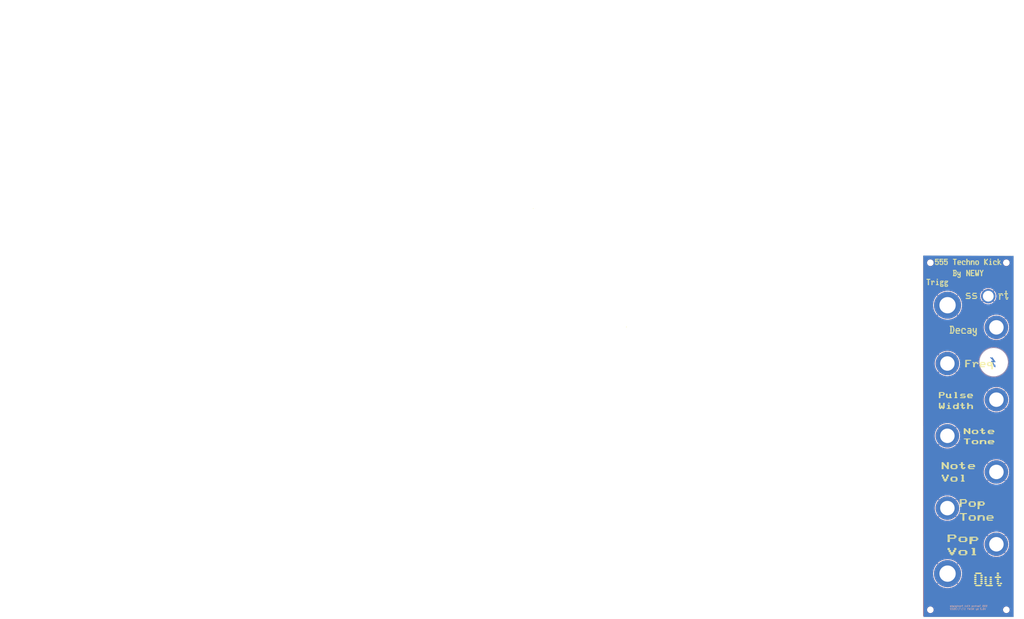
<source format=kicad_pcb>
(kicad_pcb (version 20211014) (generator pcbnew)
  (layers (0 "F.Cu" signal) (31 "B.Cu" signal) (34 "B.Paste" user) (35 "F.Paste" user) (36 "B.SilkS" user "B.Silkscreen") (37 "F.SilkS" user "F.Silkscreen") (38 "B.Mask" user) (39 "F.Mask" user) (44 "Edge.Cuts" user))
  (net 0 "")
  (net 1 "GND")
  (footprint "Custom_THC_Pads:big_pot_through_board_no_pads" (layer "F.Cu") (at 221.5 95.75)
    (fp_text reference "RV1" hide)
    (fp_text value "R_Potentiometer")
    (pad "" thru_hole circle (at 0 0) (size 13 13) (drill 8) (layers *.Cu *.Mask) (net 1 "GND"))
  )
  (footprint "Custom_THC_Pads:big_jack_through_board_no_pads" (layer "F.Cu") (at 194.5 232)
    (fp_text reference "J2" hide)
    (fp_text value "AudioJack2")
    (pad "" thru_hole circle (at 0 0) (size 15 15) (drill 9) (layers *.Cu *.Mask) (net 1 "GND"))
  )
  (footprint "Custom_THC_Pads:big_pot_through_board_no_pads" (layer "F.Cu") (at 224.9 195.75)
    (fp_text reference "RV6" hide)
    (fp_text value "R_Potentiometer")
    (pad "" thru_hole circle (at -30.5 0) (size 13 13) (drill 8) (layers *.Cu *.Mask) (net 1 "GND"))
  )
  (footprint "Custom_THC_Pads:big_pot_through_board_no_pads" (layer "F.Cu") (at 221.5 135.75)
    (fp_text reference "RV3" hide)
    (fp_text value "R_Potentiometer")
    (pad "" thru_hole circle (at 0 0) (size 13 13) (drill 8) (layers *.Cu *.Mask) (net 1 "GND"))
  )
  (footprint "Custom_THC_Pads:big_pot_through_board_no_pads" (layer "F.Cu") (at 221.5 175.75)
    (fp_text reference "RV5" hide)
    (fp_text value "R_Potentiometer")
    (pad "" thru_hole circle (at 0 0) (size 13 13) (drill 8) (layers *.Cu *.Mask) (net 1 "GND"))
  )
  (footprint "Custom_THC_Pads:switch_through_board_no_pads" (layer "F.Cu") (at 217 78.5)
    (fp_text reference "SW1" hide)
    (fp_text value "SW_SPST")
    (pad "" thru_hole circle (at 0 0) (size 8 8) (drill 6) (layers *.Cu *.Mask) (net 1 "GND"))
  )
  (footprint "Custom_THC_Pads:big_pot_through_board_no_pads" (layer "F.Cu") (at 221.5 215.75)
    (fp_text reference "RV7" hide)
    (fp_text value "R_Potentiometer")
    (pad "" thru_hole circle (at 0 0) (size 13 13) (drill 8) (layers *.Cu *.Mask) (net 1 "GND"))
  )
  (footprint "MountingHole:MountingHole_3.2mm_M3" (layer "F.Cu") (at 185 252)
    (fp_text reference "H4" hide)
    (fp_text value "MountingHole")
    (pad "" np_thru_hole circle (at 0 0) (size 3.2 3.2) (drill 3.2) (layers *.Cu *.Mask))
  )
  (footprint "Custom_THC_Pads:big_pot_through_board_no_pads" (layer "F.Cu") (at 224.9 115.75)
    (fp_text reference "RV2" hide)
    (fp_text value "R_Potentiometer")
    (pad "" thru_hole circle (at -30.5 0) (size 13 13) (drill 8) (layers *.Cu *.Mask) (net 1 "GND"))
  )
  (footprint "Custom_THC_Pads:big_pot_through_board_no_pads" (layer "F.Cu") (at 224.9 155.75)
    (fp_text reference "RV4" hide)
    (fp_text value "R_Potentiometer")
    (pad "" thru_hole circle (at -30.5 0) (size 13 13) (drill 8) (layers *.Cu *.Mask) (net 1 "GND"))
  )
  (footprint "Custom_THC_Pads:big_jack_through_board_no_pads" (layer "F.Cu") (at 194.5 83.5)
    (fp_text reference "J1" hide)
    (fp_text value "AudioJack2")
    (pad "" thru_hole circle (at 0 0) (size 15 15) (drill 9) (layers *.Cu *.Mask) (net 1 "GND"))
  )
  (footprint "MountingHole:MountingHole_3.2mm_M3" (layer "F.Cu") (at 227 60)
    (fp_text reference "H3" hide)
    (fp_text value "MountingHole")
    (pad "" np_thru_hole circle (at 0 0) (size 3.2 3.2) (drill 3.2) (layers *.Cu *.Mask))
  )
  (footprint "MountingHole:MountingHole_3.2mm_M3" (layer "F.Cu") (at 185 60)
    (fp_text reference "H1" hide)
    (fp_text value "MountingHole")
    (pad "" np_thru_hole circle (at 0 0) (size 3.2 3.2) (drill 3.2) (layers *.Cu *.Mask))
  )
  (footprint "MountingHole:MountingHole_3.2mm_M3" (layer "F.Cu") (at 227 252)
    (fp_text reference "H2" hide)
    (fp_text value "MountingHole")
    (pad "" np_thru_hole circle (at 0 0) (size 3.2 3.2) (drill 3.2) (layers *.Cu *.Mask))
  )
  (footprint "Symbol:Symbol_Highvoltage_Type1_CopperTop_Small" (layer "B.Cu") (at 220.4285 115.619 180)
    (fp_text reference "REF**" hide)
    (fp_text value "Symbol_Highvoltage_Type1_CopperTop_Small")
    (fp_line (start -0.127 -1.651) (end 1.651 1.143) (layer "B.Cu") (width 0.381))
    (fp_line (start 0 0.889) (end 1.27 0.889) (layer "B.Cu") (width 0.381))
    (fp_line (start 1.397 2.667) (end 1.27 3.175) (layer "B.Cu") (width 0.381))
    (fp_line (start 1.016 0.762) (end -0.127 -1.524) (layer "B.Cu") (width 0.381))
    (fp_line (start -0.254 -1.016) (end -0.381 -2.032) (layer "B.Cu") (width 0.381))
    (fp_line (start -0.381 -2.032) (end 0.381 -1.397) (layer "B.Cu") (width 0.381))
    (fp_line (start -0.127 -1.524) (end -0.254 -1.016) (layer "B.Cu") (width 0.381))
    (fp_line (start 2.159 3.175) (end 1.397 2.667) (layer "B.Cu") (width 0.381))
    (fp_line (start 1.397 2.794) (end 0 0.889) (layer "B.Cu") (width 0.381))
    (fp_line (start 0.381 -1.397) (end -0.127 -1.651) (layer "B.Cu") (width 0.381))
    (fp_line (start -0.381 0.762) (end 1.016 0.762) (layer "B.Cu") (width 0.381))
    (fp_line (start 0.381 1.143) (end 2.159 3.175) (layer "B.Cu") (width 0.381))
    (fp_line (start 1.651 1.143) (end 0.381 1.143) (layer "B.Cu") (width 0.381))
    (fp_line (start 1.143 3.048) (end -0.381 0.762) (layer "B.Cu") (width 0.381))
  )
  (gr_circle (center 220 115) (end 228 116) (layer "F.Cu") (width 0.2) (fill none))
  (gr_circle (center 220 115) (end 228 115.5) (layer "B.Cu") (width 0.2) (fill none))
  (gr_circle (center 220 114.5) (end 220 114.5) (layer "B.Cu") (width 0.2) (fill none))
  (gr_poly (pts (xy 205.938554 65.568634) (xy 205.971739 65.569791) (xy 206.001527 65.571719) (xy 206.027918 65.574418) (xy 206.050914 65.577889) (xy 206.061138 65.579913) (xy 206.070514 65.582131) (xy 206.07904 65.584541) (xy 206.086718 65.587144) (xy 206.093547 65.589941) (xy 206.099528 65.59293) (xy 206.102567 65.594223) (xy 206.105509 65.595632) (xy 206.108355 65.597156) (xy 206.111104 65.598796) (xy 206.113757 65.600553) (xy 206.116314 65.602424) (xy 206.118774 65.604412) (xy 206.121137 65.606515) (xy 206.123404 65.608734) (xy 206.125575 65.611069) (xy 206.127649 65.613519) (xy 206.129626 65.616085) (xy 206.131508 65.618767) (xy 206.133292 65.621565) (xy 206.13498 65.624478) (xy 206.136572 65.627507) (xy 206.138068 65.630652) (xy 206.139466 65.633912) (xy 206.140769 65.637288) (xy 206.141975 65.64078) (xy 206.143084 65.644388) (xy 206.144097 65.648111) (xy 206.145013 65.65195) (xy 206.145833 65.655905) (xy 206.146557 65.659975) (xy 206.147184 65.664161) (xy 206.147715 65.668463) (xy 206.148149 65.67288) (xy 206.148486 65.677414) (xy 206.148727 65.682063) (xy 206.14892 65.691707) (xy 206.148727 65.701374) (xy 206.148149 65.710616) (xy 206.147184 65.719434) (xy 206.145833 65.727827) (xy 206.144097 65.735795) (xy 206.141975 65.743339) (xy 206.139466 65.750458) (xy 206.136572 65.757152) (xy 206.133292 65.763423) (xy 206.129626 65.769268) (xy 206.125575 65.774689) (xy 206.121137 65.779686) (xy 206.116314 65.784258) (xy 206.111104 65.788406) (xy 206.105509 65.79213) (xy 206.099528 65.795429) (xy 206.093547 65.797822) (xy 206.086718 65.800061) (xy 206.079039 65.802146) (xy 206.070512 65.804076) (xy 206.061135 65.805852) (xy 206.05091 65.807474) (xy 206.039836 65.808941) (xy 206.027912 65.810254) (xy 206.015141 65.811412) (xy 206.00152 65.812416) (xy 205.987051 65.813266) (xy 205.971732 65.813961) (xy 205.93855 65.814888) (xy 205.901972 65.815197) (xy 205.865314 65.814888) (xy 205.831901 65.813961) (xy 205.801732 65.812416) (xy 205.774806 65.810254) (xy 205.75112 65.807474) (xy 205.730676 65.804076) (xy 205.71347 65.800061) (xy 205.706082 65.797822) (xy 205.699503 65.795429) (xy 205.696769 65.793832) (xy 205.694121 65.79213) (xy 205.691559 65.790321) (xy 205.689085 65.788406) (xy 205.686697 65.786385) (xy 205.684396 65.784258) (xy 205.682182 65.782025) (xy 205.680055 65.779686) (xy 205.678014 65.777241) (xy 205.67606 65.774689) (xy 205.674193 65.772032) (xy 205.672412 65.769268) (xy 205.670719 65.766398) (xy 205.669112 65.763423) (xy 205.667592 65.760341) (xy 205.666159 65.757152) (xy 205.664813 65.753858) (xy 205.663553 65.750458) (xy 205.662381 65.746951) (xy 205.661295 65.743339) (xy 205.660296 65.73962) (xy 205.659383 65.735795) (xy 205.658558 65.731864) (xy 205.65782 65.727827) (xy 205.656603 65.719434) (xy 205.655734 65.710616) (xy 205.655213 65.701374) (xy 205.655039 65.691707) (xy 205.655213 65.682061) (xy 205.655734 65.672878) (xy 205.656603 65.664158) (xy 205.65782 65.6559) (xy 205.659383 65.648106) (xy 205.661295 65.640775) (xy 205.663553 65.633907) (xy 205.666159 65.627501) (xy 205.669112 65.621559) (xy 205.672412 65.61608) (xy 205.67606 65.611064) (xy 205.680055 65.606511) (xy 205.684396 65.602421) (xy 205.689085 65.598794) (xy 205.694121 65.59563) (xy 205.699503 65.59293) (xy 205.706082 65.589941) (xy 205.71347 65.587144) (xy 205.721668 65.584541) (xy 205.730676 65.582131) (xy 205.740493 65.579913) (xy 205.75112 65.577889) (xy 205.762558 65.576057) (xy 205.774806 65.574418) (xy 205.787863 65.572972) (xy 205.801732 65.571719) (xy 205.816411 65.570658) (xy 205.831901 65.569791) (xy 205.848202 65.569116) (xy 205.865314 65.568634) (xy 205.883238 65.568345) (xy 205.901972 65.568249)) (layer "F.SilkS") (width 0.2) (fill solid))
  (gr_poly (pts (xy 199.594883 179.074357) (xy 199.659949 179.075653) (xy 199.718355 179.077814) (xy 199.770102 179.080839) (xy 199.81519 179.084729) (xy 199.853618 179.089484) (xy 199.885389 179.095104) (xy 199.910502 179.101589) (xy 199.922229 179.104615) (xy 199.933199 179.108159) (xy 199.943413 179.112222) (xy 199.948236 179.114448) (xy 199.952871 179.116804) (xy 199.957316 179.119289) (xy 199.961572 179.121904) (xy 199.965638 179.124649) (xy 199.969516 179.127523) (xy 199.973205 179.130527) (xy 199.976704 179.13366) (xy 199.980014 179.136923) (xy 199.983136 179.140316) (xy 199.986068 179.143838) (xy 199.988811 179.14749) (xy 199.991364 179.151272) (xy 199.993729 179.155183) (xy 199.995904 179.159224) (xy 199.997891 179.163395) (xy 199.999688 179.167695) (xy 200.001296 179.172125) (xy 200.002714 179.176684) (xy 200.003944 179.181373) (xy 200.004985 179.186192) (xy 200.005836 179.191141) (xy 200.006498 179.196218) (xy 200.006971 179.201426) (xy 200.007349 179.21223) (xy 200.006971 179.223056) (xy 200.006498 179.228291) (xy 200.005836 179.233407) (xy 200.004985 179.238404) (xy 200.003944 179.243282) (xy 200.002714 179.248042) (xy 200.001296 179.252682) (xy 199.999688 179.257204) (xy 199.997891 179.261607) (xy 199.995904 179.265891) (xy 199.993729 179.270056) (xy 199.991364 179.274102) (xy 199.988811 179.27803) (xy 199.986068 179.281838) (xy 199.983136 179.285528) (xy 199.980014 179.289099) (xy 199.976704 179.292551) (xy 199.973205 179.295884) (xy 199.969516 179.299098) (xy 199.965638 179.302194) (xy 199.961572 179.30517) (xy 199.957316 179.308028) (xy 199.952871 179.310766) (xy 199.943413 179.315887) (xy 199.933199 179.320532) (xy 199.922229 179.324702) (xy 199.910502 179.328396) (xy 199.898778 179.331076) (xy 199.885389 179.333583) (xy 199.870336 179.335918) (xy 199.853618 179.33808) (xy 199.81519 179.341885) (xy 199.770102 179.344999) (xy 199.718355 179.347421) (xy 199.659949 179.349152) (xy 199.594883 179.35019) (xy 199.523158 179.350536) (xy 199.451289 179.35019) (xy 199.385775 179.349152) (xy 199.326614 179.347421) (xy 199.273808 179.344999) (xy 199.227357 179.341885) (xy 199.187261 179.33808) (xy 199.153522 179.333583) (xy 199.126139 179.328396) (xy 199.115582 179.324702) (xy 199.110559 179.322676) (xy 199.105707 179.320532) (xy 199.101025 179.318269) (xy 199.096513 179.315887) (xy 199.092172 179.313386) (xy 199.088001 179.310766) (xy 199.084 179.308028) (xy 199.08017 179.30517) (xy 199.07651 179.302194) (xy 199.07302 179.299098) (xy 199.069701 179.295884) (xy 199.066552 179.292551) (xy 199.063573 179.289099) (xy 199.060765 179.285528) (xy 199.058127 179.281838) (xy 199.055659 179.27803) (xy 199.053361 179.274102) (xy 199.051233 179.270056) (xy 199.049276 179.265891) (xy 199.047489 179.261607) (xy 199.045873 179.257204) (xy 199.044426 179.252682) (xy 199.04315 179.248042) (xy 199.042044 179.243282) (xy 199.041108 179.238404) (xy 199.040342 179.233407) (xy 199.039747 179.228291) (xy 199.039321 179.223056) (xy 199.038981 179.21223) (xy 199.039321 179.201426) (xy 199.040342 179.191141) (xy 199.042044 179.181373) (xy 199.04315 179.176684) (xy 199.044426 179.172125) (xy 199.045873 179.167695) (xy 199.047489 179.163395) (xy 199.049276 179.159224) (xy 199.051233 179.155183) (xy 199.053361 179.151272) (xy 199.055659 179.14749) (xy 199.058127 179.143838) (xy 199.060765 179.140316) (xy 199.063573 179.136923) (xy 199.066552 179.13366) (xy 199.069701 179.130527) (xy 199.07302 179.127523) (xy 199.07651 179.124649) (xy 199.08017 179.121904) (xy 199.084 179.119289) (xy 199.088001 179.116804) (xy 199.092172 179.114448) (xy 199.096513 179.112222) (xy 199.105707 179.108159) (xy 199.115582 179.104615) (xy 199.126139 179.101589) (xy 199.139036 179.098238) (xy 199.153522 179.095104) (xy 199.169597 179.092186) (xy 199.187261 179.089484) (xy 199.206514 179.086998) (xy 199.227357 179.084729) (xy 199.273808 179.080839) (xy 199.326614 179.077814) (xy 199.385775 179.075653) (xy 199.451289 179.074357) (xy 199.523158 179.073925)) (layer "F.SilkS") (width 0.2) (fill solid))
  (gr_poly (pts (xy 213.739527 151.698865) (xy 213.798855 151.699921) (xy 213.852111 151.701683) (xy 213.899296 151.704149) (xy 213.940411 151.707322) (xy 213.975456 151.711201) (xy 214.004432 151.715787) (xy 214.027338 151.721081) (xy 214.038029 151.723552) (xy 214.048029 151.726447) (xy 214.057341 151.729765) (xy 214.065962 151.733507) (xy 214.073894 151.737671) (xy 214.077601 151.739912) (xy 214.081136 151.742259) (xy 214.084499 151.744711) (xy 214.087689 151.74727) (xy 214.090707 151.749934) (xy 214.093552 151.752704) (xy 214.096225 151.75558) (xy 214.098725 151.758562) (xy 214.101053 151.76165) (xy 214.103209 151.764844) (xy 214.105192 151.768143) (xy 214.107003 151.771549) (xy 214.108641 151.77506) (xy 214.110107 151.778677) (xy 214.1114 151.7824) (xy 214.112521 151.786229) (xy 214.11347 151.790164) (xy 214.114246 151.794205) (xy 214.11485 151.798352) (xy 214.115281 151.802605) (xy 214.115626 151.811428) (xy 214.11554 151.815897) (xy 214.115281 151.820269) (xy 214.11485 151.824544) (xy 214.114246 151.828721) (xy 214.11347 151.832802) (xy 214.112521 151.836786) (xy 214.1114 151.840672) (xy 214.110107 151.844461) (xy 214.108641 151.848154) (xy 214.107003 151.851749) (xy 214.105192 151.855247) (xy 214.103209 151.858648) (xy 214.101053 151.861951) (xy 214.098725 151.865158) (xy 214.096225 151.868268) (xy 214.093552 151.87128) (xy 214.090707 151.874196) (xy 214.087689 151.877014) (xy 214.084499 151.879736) (xy 214.081136 151.88236) (xy 214.077601 151.884887) (xy 214.073894 151.887317) (xy 214.070014 151.88965) (xy 214.065962 151.891886) (xy 214.061737 151.894024) (xy 214.057341 151.896066) (xy 214.048029 151.899858) (xy 214.038029 151.903261) (xy 214.027338 151.906276) (xy 214.016644 151.908466) (xy 214.004432 151.910514) (xy 213.975456 151.914185) (xy 213.940411 151.91729) (xy 213.899296 151.91983) (xy 213.852111 151.921805) (xy 213.798855 151.923215) (xy 213.739527 151.924061) (xy 213.674128 151.924343) (xy 213.60859 151.924061) (xy 213.548846 151.923215) (xy 213.494898 151.921805) (xy 213.446743 151.91983) (xy 213.404383 151.91729) (xy 213.367818 151.914185) (xy 213.337046 151.910514) (xy 213.312067 151.906276) (xy 213.30245 151.903261) (xy 213.293452 151.899858) (xy 213.285074 151.896066) (xy 213.281117 151.894024) (xy 213.277316 151.891886) (xy 213.273669 151.88965) (xy 213.270178 151.887317) (xy 213.266841 151.884887) (xy 213.26366 151.88236) (xy 213.260634 151.879736) (xy 213.257763 151.877014) (xy 213.255047 151.874196) (xy 213.252486 151.87128) (xy 213.25008 151.868268) (xy 213.247829 151.865158) (xy 213.245734 151.861951) (xy 213.243793 151.858648) (xy 213.242008 151.855247) (xy 213.240378 151.851749) (xy 213.238903 151.848154) (xy 213.237583 151.844461) (xy 213.236419 151.840672) (xy 213.23541 151.836786) (xy 213.234556 151.832802) (xy 213.233857 151.828721) (xy 213.233314 151.824544) (xy 213.232926 151.820269) (xy 213.232615 151.811428) (xy 213.232693 151.806963) (xy 213.232926 151.802605) (xy 213.233314 151.798352) (xy 213.233857 151.794205) (xy 213.234556 151.790164) (xy 213.23541 151.786229) (xy 213.236419 151.7824) (xy 213.237583 151.778677) (xy 213.238903 151.77506) (xy 213.240378 151.771549) (xy 213.242008 151.768143) (xy 213.243793 151.764844) (xy 213.245734 151.76165) (xy 213.247829 151.758562) (xy 213.25008 151.75558) (xy 213.252486 151.752704) (xy 213.255047 151.749934) (xy 213.257763 151.74727) (xy 213.260634 151.744711) (xy 213.26366 151.742259) (xy 213.266841 151.739912) (xy 213.270178 151.737671) (xy 213.273669 151.735536) (xy 213.277316 151.733507) (xy 213.281117 151.731583) (xy 213.285074 151.729765) (xy 213.293452 151.726447) (xy 213.30245 151.723552) (xy 213.312067 151.721081) (xy 213.323832 151.718345) (xy 213.337046 151.715787) (xy 213.351707 151.713405) (xy 213.367818 151.711201) (xy 213.404383 151.707322) (xy 213.446743 151.704149) (xy 213.494898 151.701683) (xy 213.548846 151.699921) (xy 213.60859 151.698865) (xy 213.674128 151.698513)) (layer "F.SilkS") (width 0.2) (fill solid))
  (gr_poly (pts (xy 212.767424 115.629481) (xy 212.821175 115.630849) (xy 212.869426 115.633131) (xy 212.912175 115.636325) (xy 212.949423 115.640431) (xy 212.98117 115.645449) (xy 213.007416 115.65138) (xy 213.018477 115.654687) (xy 213.028162 115.658222) (xy 213.033085 115.659751) (xy 213.037852 115.661417) (xy 213.042462 115.663219) (xy 213.046916 115.665159) (xy 213.051213 115.667235) (xy 213.055354 115.669448) (xy 213.059339 115.671798) (xy 213.063167 115.674285) (xy 213.06684 115.676909) (xy 213.070355 115.679669) (xy 213.073715 115.682567) (xy 213.076918 115.685601) (xy 213.079965 115.688772) (xy 213.082855 115.69208) (xy 213.08559 115.695525) (xy 213.088168 115.699106) (xy 213.090589 115.702824) (xy 213.092855 115.70668) (xy 213.094964 115.710672) (xy 213.096917 115.714801) (xy 213.098713 115.719066) (xy 213.100354 115.723469) (xy 213.101838 115.728008) (xy 213.103166 115.732684) (xy 213.104337 115.737497) (xy 213.105353 115.742447) (xy 213.106212 115.747534) (xy 213.106915 115.752758) (xy 213.107461 115.758118) (xy 213.107852 115.763615) (xy 213.108164 115.77502) (xy 213.107852 115.78645) (xy 213.106915 115.797377) (xy 213.105353 115.807802) (xy 213.103166 115.817726) (xy 213.100354 115.827147) (xy 213.096917 115.836067) (xy 213.092855 115.844485) (xy 213.088168 115.852401) (xy 213.082855 115.859815) (xy 213.076918 115.866727) (xy 213.070355 115.873137) (xy 213.063167 115.879046) (xy 213.055354 115.884453) (xy 213.046916 115.889358) (xy 213.037852 115.893761) (xy 213.028162 115.897663) (xy 213.018477 115.900491) (xy 213.007416 115.903137) (xy 212.994981 115.905601) (xy 212.98117 115.907882) (xy 212.965984 115.909981) (xy 212.949423 115.911898) (xy 212.912175 115.915183) (xy 212.869426 115.917738) (xy 212.821175 115.919564) (xy 212.767424 115.920659) (xy 212.70817 115.921024) (xy 212.648801 115.920659) (xy 212.59468 115.919564) (xy 212.545806 115.917738) (xy 212.50218 115.915183) (xy 212.463804 115.911898) (xy 212.430675 115.907882) (xy 212.402797 115.903137) (xy 212.380167 115.897663) (xy 212.375741 115.895775) (xy 212.371456 115.893761) (xy 212.367311 115.891623) (xy 212.363306 115.889358) (xy 212.359442 115.886968) (xy 212.355718 115.884453) (xy 212.352134 115.881812) (xy 212.348691 115.879046) (xy 212.345389 115.876154) (xy 212.342226 115.873137) (xy 212.339204 115.869995) (xy 212.336323 115.866727) (xy 212.333582 115.863334) (xy 212.330982 115.859815) (xy 212.328522 115.85617) (xy 212.326203 115.852401) (xy 212.324024 115.848505) (xy 212.321986 115.844485) (xy 212.320088 115.840338) (xy 212.31833 115.836067) (xy 212.316714 115.83167) (xy 212.315237 115.827147) (xy 212.313902 115.822499) (xy 212.312707 115.817726) (xy 212.311652 115.812827) (xy 212.310738 115.807802) (xy 212.309965 115.802652) (xy 212.309332 115.797377) (xy 212.30884 115.791976) (xy 212.308488 115.78645) (xy 212.308207 115.77502) (xy 212.308488 115.763615) (xy 212.309332 115.752758) (xy 212.310738 115.742447) (xy 212.312707 115.732684) (xy 212.315237 115.723469) (xy 212.31833 115.714801) (xy 212.321986 115.70668) (xy 212.326203 115.699106) (xy 212.330982 115.69208) (xy 212.336323 115.685601) (xy 212.342226 115.679669) (xy 212.348691 115.674285) (xy 212.355718 115.669448) (xy 212.363306 115.665159) (xy 212.371456 115.661417) (xy 212.380167 115.658222) (xy 212.390826 115.654687) (xy 212.402797 115.65138) (xy 212.41608 115.6483) (xy 212.430675 115.645449) (xy 212.446583 115.642826) (xy 212.463804 115.640431) (xy 212.482336 115.638264) (xy 212.50218 115.636325) (xy 212.545806 115.633131) (xy 212.59468 115.630849) (xy 212.648801 115.629481) (xy 212.70817 115.629024)) (layer "F.SilkS") (width 0.2) (fill solid))
  (gr_poly (pts (xy -34.500042 29.999798) (xy -34.500105 29.999798) (xy -34.500105 29.999869) (xy -34.500174 29.999869) (xy -34.500174 29.999875) (xy -34.500237 29.999875) (xy -34.500237 29.999798) (xy -34.50017 29.999798) (xy -34.500105 29.999798) (xy -34.500105 29.999772) (xy -34.50017 29.999772) (xy -34.50017 29.999798) (xy -34.500237 29.999798) (xy -34.500237 29.999772) (xy -34.50017 29.999772) (xy -34.50017 29.999712) (xy -34.500103 29.999712) (xy -34.500103 29.999704) (xy -34.500042 29.999704)) (layer "F.SilkS") (width 0.2) (fill solid))
  (gr_poly (pts (xy 192.558131 171.607307) (xy 192.792963 171.61146) (xy 192.964854 171.618379) (xy 193.027195 171.622875) (xy 193.073802 171.628063) (xy 193.092565 171.631105) (xy 193.110118 171.63471) (xy 193.12646 171.638878) (xy 193.141591 171.643609) (xy 193.155511 171.648902) (xy 193.168221 171.654757) (xy 193.17972 171.661175) (xy 193.190009 171.668156) (xy 193.199086 171.675698) (xy 193.203171 171.67968) (xy 193.206954 171.683802) (xy 193.210433 171.688065) (xy 193.213611 171.692469) (xy 193.216485 171.697013) (xy 193.219057 171.701697) (xy 193.221326 171.706522) (xy 193.223293 171.711487) (xy 193.224957 171.716593) (xy 193.226319 171.721839) (xy 193.227378 171.727226) (xy 193.228134 171.732753) (xy 193.228739 171.744228) (xy 193.228588 171.750036) (xy 193.228134 171.755703) (xy 193.227378 171.76123) (xy 193.226319 171.766616) (xy 193.224957 171.771861) (xy 193.223293 171.776966) (xy 193.221326 171.781931) (xy 193.219057 171.786755) (xy 193.216485 171.791438) (xy 193.213611 171.795982) (xy 193.210433 171.800384) (xy 193.206954 171.804646) (xy 193.203171 171.808768) (xy 193.199086 171.812749) (xy 193.194699 171.816589) (xy 193.190009 171.82029) (xy 193.185016 171.823849) (xy 193.17972 171.827268) (xy 193.174122 171.830547) (xy 193.168221 171.833685) (xy 193.162018 171.836684) (xy 193.155511 171.839541) (xy 193.148703 171.842258) (xy 193.141591 171.844835) (xy 193.134177 171.847271) (xy 193.12646 171.849567) (xy 193.11844 171.851722) (xy 193.110118 171.853737) (xy 193.092565 171.857346) (xy 193.073802 171.860393) (xy 193.027195 171.86558) (xy 192.964854 171.870075) (xy 192.886776 171.873878) (xy 192.792963 171.876989) (xy 192.683415 171.879409) (xy 192.558131 171.881136) (xy 192.417111 171.882173) (xy 192.260355 171.882519) (xy 191.962596 171.881136) (xy 191.727768 171.876989) (xy 191.555881 171.870075) (xy 191.493541 171.86558) (xy 191.44694 171.860393) (xy 191.428176 171.857346) (xy 191.410623 171.853737) (xy 191.39428 171.849567) (xy 191.379148 171.844835) (xy 191.365226 171.839541) (xy 191.352515 171.833685) (xy 191.341015 171.827268) (xy 191.330725 171.82029) (xy 191.321646 171.812749) (xy 191.31756 171.808768) (xy 191.313777 171.804646) (xy 191.310297 171.800384) (xy 191.307119 171.795982) (xy 191.304244 171.791438) (xy 191.301671 171.786755) (xy 191.299402 171.781931) (xy 191.297434 171.776966) (xy 191.29577 171.771861) (xy 191.294408 171.766616) (xy 191.293349 171.76123) (xy 191.292592 171.755703) (xy 191.291987 171.744228) (xy 191.292138 171.738422) (xy 191.292592 171.732756) (xy 191.293349 171.72723) (xy 191.294408 171.721844) (xy 191.29577 171.716599) (xy 191.297434 171.711494) (xy 191.299402 171.70653) (xy 191.301671 171.701706) (xy 191.304244 171.697022) (xy 191.307119 171.692479) (xy 191.310297 171.688076) (xy 191.313777 171.683813) (xy 191.31756 171.679691) (xy 191.321646 171.675709) (xy 191.326034 171.671868) (xy 191.330725 171.668167) (xy 191.335719 171.664606) (xy 191.341015 171.661187) (xy 191.346614 171.657907) (xy 191.352515 171.654768) (xy 191.35872 171.65177) (xy 191.365226 171.648912) (xy 191.372036 171.646194) (xy 191.379148 171.643618) (xy 191.386563 171.641181) (xy 191.39428 171.638885) (xy 191.4023 171.63673) (xy 191.410623 171.634716) (xy 191.428176 171.631108) (xy 191.44694 171.628063) (xy 191.493541 171.622875) (xy 191.555881 171.618379) (xy 191.633957 171.614573) (xy 191.727768 171.61146) (xy 191.837315 171.609037) (xy 191.962596 171.607307) (xy 192.103609 171.606269) (xy 192.260355 171.605922)) (layer "F.SilkS") (width 0.2) (fill solid))
  (gr_poly (pts (xy 191.467812 72.985653) (xy 191.600466 72.987736) (xy 191.715371 72.991209) (xy 191.812527 72.996071) (xy 191.891934 73.002321) (xy 191.953591 73.009961) (xy 191.997501 73.01899) (xy 192.012799 73.024025) (xy 192.023661 73.029407) (xy 192.025789 73.03068) (xy 192.027849 73.032031) (xy 192.029841 73.033458) (xy 192.031766 73.034963) (xy 192.033624 73.036545) (xy 192.035413 73.038204) (xy 192.037136 73.03994) (xy 192.03879 73.041754) (xy 192.040378 73.043644) (xy 192.041897 73.045612) (xy 192.043349 73.047657) (xy 192.044733 73.04978) (xy 192.04605 73.051979) (xy 192.047299 73.054255) (xy 192.048481 73.056609) (xy 192.049595 73.05904) (xy 192.050642 73.061548) (xy 192.051621 73.064133) (xy 192.052533 73.066795) (xy 192.053376 73.069535) (xy 192.054153 73.072351) (xy 192.054862 73.075245) (xy 192.055503 73.078216) (xy 192.056077 73.081264) (xy 192.057022 73.087591) (xy 192.057697 73.094228) (xy 192.058102 73.101172) (xy 192.058237 73.108425) (xy 192.057948 73.118071) (xy 192.05708 73.127254) (xy 192.055634 73.135975) (xy 192.053608 73.144232) (xy 192.052378 73.148187) (xy 192.051004 73.152026) (xy 192.049485 73.15575) (xy 192.047821 73.159358) (xy 192.046013 73.16285) (xy 192.044059 73.166226) (xy 192.041962 73.169486) (xy 192.039719 73.172631) (xy 192.037332 73.17566) (xy 192.0348 73.178573) (xy 192.032123 73.181371) (xy 192.029302 73.184052) (xy 192.026336 73.186618) (xy 192.023225 73.189069) (xy 192.019969 73.191403) (xy 192.016569 73.193622) (xy 192.013024 73.195724) (xy 192.009334 73.197711) (xy 192.00152 73.201338) (xy 191.993128 73.204502) (xy 191.984156 73.207203) (xy 191.970554 73.210193) (xy 191.95321 73.212991) (xy 191.932122 73.215596) (xy 191.907292 73.218007) (xy 191.846404 73.222252) (xy 191.770545 73.225725) (xy 191.679715 73.228426) (xy 191.573915 73.230356) (xy 191.453146 73.231513) (xy 191.317408 73.231899) (xy 191.166999 73.231205) (xy 191.034341 73.229121) (xy 190.919433 73.225648) (xy 190.822275 73.220787) (xy 190.742868 73.214536) (xy 190.681209 73.206897) (xy 190.6373 73.197868) (xy 190.622001 73.192833) (xy 190.61114 73.18745) (xy 190.609012 73.186177) (xy 190.606952 73.184827) (xy 190.604959 73.183399) (xy 190.603034 73.181895) (xy 190.601177 73.180313) (xy 190.599387 73.178653) (xy 190.597665 73.176917) (xy 190.59601 73.175104) (xy 190.594423 73.173213) (xy 190.592904 73.171245) (xy 190.591452 73.1692) (xy 190.590068 73.167078) (xy 190.588751 73.164878) (xy 190.587501 73.162602) (xy 190.58632 73.160248) (xy 190.585205 73.157817) (xy 190.584159 73.155309) (xy 190.58318 73.152723) (xy 190.582268 73.150061) (xy 190.581424 73.147321) (xy 190.580648 73.144504) (xy 190.579939 73.14161) (xy 190.579298 73.138639) (xy 190.578724 73.13559) (xy 190.577778 73.129262) (xy 190.577103 73.122625) (xy 190.576698 73.115679) (xy 190.576563 73.108425) (xy 190.576853 73.09878) (xy 190.577721 73.089598) (xy 190.579167 73.080879) (xy 190.581193 73.072622) (xy 190.582422 73.068668) (xy 190.583797 73.064829) (xy 190.585316 73.061106) (xy 190.58698 73.057498) (xy 190.588788 73.054006) (xy 190.590741 73.05063) (xy 190.592839 73.04737) (xy 190.595082 73.044226) (xy 190.597469 73.041197) (xy 190.600001 73.038284) (xy 190.602678 73.035486) (xy 190.605499 73.032805) (xy 190.608465 73.030239) (xy 190.611576 73.027789) (xy 190.614832 73.025455) (xy 190.618232 73.023236) (xy 190.621777 73.021133) (xy 190.625467 73.019146) (xy 190.63328 73.015519) (xy 190.641673 73.012356) (xy 190.650645 73.009655) (xy 190.664246 73.006664) (xy 190.681591 73.003867) (xy 190.702678 73.001262) (xy 190.727509 72.99885) (xy 190.788398 72.994605) (xy 190.864258 72.991133) (xy 190.95509 72.988431) (xy 191.060892 72.986502) (xy 191.181665 72.985344) (xy 191.317408 72.984958)) (layer "F.SilkS") (width 0.2) (fill solid))
  (gr_poly (pts (xy 198.530243 58.407242) (xy 198.563426 58.408399) (xy 198.593212 58.410328) (xy 198.619601 58.413028) (xy 198.642594 58.4165) (xy 198.652816 58.418525) (xy 198.662191 58.420743) (xy 198.670717 58.423154) (xy 198.678394 58.425758) (xy 198.685222 58.428555) (xy 198.691203 58.431545) (xy 198.694241 58.432838) (xy 198.697184 58.434248) (xy 198.700029 58.435772) (xy 198.702779 58.437413) (xy 198.705432 58.439169) (xy 198.707988 58.441041) (xy 198.710448 58.443029) (xy 198.712812 58.445132) (xy 198.715079 58.447351) (xy 198.71725 58.449686) (xy 198.719324 58.452136) (xy 198.721301 58.454703) (xy 198.723182 58.457384) (xy 198.724967 58.460182) (xy 198.726655 58.463095) (xy 198.728247 58.466124) (xy 198.729742 58.469269) (xy 198.731141 58.472529) (xy 198.732443 58.475906) (xy 198.733649 58.479398) (xy 198.734759 58.483005) (xy 198.735772 58.486729) (xy 198.736688 58.490568) (xy 198.737508 58.494522) (xy 198.738232 58.498593) (xy 198.738859 58.502779) (xy 198.739389 58.507081) (xy 198.739823 58.511499) (xy 198.740161 58.516032) (xy 198.740402 58.520681) (xy 198.740595 58.530327) (xy 198.740402 58.539992) (xy 198.739823 58.549233) (xy 198.738859 58.55805) (xy 198.737508 58.566441) (xy 198.735772 58.574409) (xy 198.733649 58.581952) (xy 198.731141 58.589071) (xy 198.728247 58.595765) (xy 198.724967 58.602035) (xy 198.721301 58.60788) (xy 198.71725 58.613301) (xy 198.712812 58.618298) (xy 198.707988 58.62287) (xy 198.702779 58.627018) (xy 198.697184 58.630742) (xy 198.691203 58.634041) (xy 198.685222 58.636434) (xy 198.678393 58.638673) (xy 198.670715 58.640757) (xy 198.662189 58.642687) (xy 198.652813 58.644463) (xy 198.642589 58.646084) (xy 198.631517 58.647551) (xy 198.619595 58.648864) (xy 198.606824 58.650022) (xy 198.593205 58.651025) (xy 198.578737 58.651874) (xy 198.56342 58.652569) (xy 198.530239 58.653496) (xy 198.493662 58.653805) (xy 198.457008 58.653496) (xy 198.423596 58.652569) (xy 198.393424 58.651025) (xy 198.366494 58.648864) (xy 198.342804 58.646084) (xy 198.322355 58.642687) (xy 198.305146 58.638673) (xy 198.297757 58.636434) (xy 198.291178 58.634041) (xy 198.288443 58.632445) (xy 198.285796 58.630743) (xy 198.283234 58.628935) (xy 198.28076 58.62702) (xy 198.278372 58.625) (xy 198.276071 58.622873) (xy 198.273857 58.62064) (xy 198.271729 58.618302) (xy 198.269689 58.615856) (xy 198.267735 58.613305) (xy 198.265868 58.610648) (xy 198.264087 58.607884) (xy 198.262394 58.605015) (xy 198.260787 58.602039) (xy 198.259267 58.598957) (xy 198.257834 58.595769) (xy 198.256488 58.592475) (xy 198.255228 58.589075) (xy 198.254055 58.585568) (xy 198.25297 58.581956) (xy 198.25197 58.578237) (xy 198.251058 58.574412) (xy 198.250233 58.570481) (xy 198.249495 58.566444) (xy 198.248278 58.558052) (xy 198.247409 58.549234) (xy 198.246888 58.539993) (xy 198.246714 58.530327) (xy 198.246888 58.52068) (xy 198.247409 58.511496) (xy 198.248278 58.502775) (xy 198.249495 58.494518) (xy 198.251058 58.486724) (xy 198.25297 58.479392) (xy 198.255228 58.472524) (xy 198.257834 58.466119) (xy 198.260787 58.460176) (xy 198.264087 58.454697) (xy 198.267735 58.449681) (xy 198.271729 58.445128) (xy 198.276071 58.441038) (xy 198.28076 58.437411) (xy 198.285796 58.434246) (xy 198.291178 58.431545) (xy 198.297757 58.428555) (xy 198.305146 58.425758) (xy 198.313346 58.423154) (xy 198.322355 58.420743) (xy 198.332174 58.418525) (xy 198.342804 58.4165) (xy 198.354244 58.414668) (xy 198.366494 58.413028) (xy 198.379554 58.411582) (xy 198.393424 58.410328) (xy 198.408105 58.409267) (xy 198.423596 58.408399) (xy 198.439897 58.407724) (xy 198.457008 58.407242) (xy 198.47493 58.406953) (xy 198.493662 58.406856)) (layer "F.SilkS") (width 0.2) (fill solid))
  (gr_poly (pts (xy 198.014257 139.100926) (xy 198.066715 139.10205) (xy 198.113804 139.103924) (xy 198.155526 139.106546) (xy 198.191879 139.109918) (xy 198.222864 139.114038) (xy 198.248482 139.118906) (xy 198.259278 139.121621) (xy 198.268733 139.124523) (xy 198.278187 139.127145) (xy 198.287031 139.130217) (xy 198.291224 139.131921) (xy 198.295265 139.133737) (xy 198.299154 139.135666) (xy 198.30289 139.137707) (xy 198.306474 139.13986) (xy 198.309905 139.142126) (xy 198.313183 139.144504) (xy 198.31631 139.146994) (xy 198.319284 139.149597) (xy 198.322105 139.152312) (xy 198.324774 139.155139) (xy 198.32729 139.158079) (xy 198.329654 139.161131) (xy 198.331865 139.164295) (xy 198.333924 139.167572) (xy 198.335831 139.170961) (xy 198.337584 139.174462) (xy 198.339186 139.178076) (xy 198.340635 139.181802) (xy 198.341931 139.185641) (xy 198.343075 139.189592) (xy 198.344066 139.193655) (xy 198.344905 139.19783) (xy 198.345591 139.202118) (xy 198.346125 139.206519) (xy 198.346507 139.211031) (xy 198.346812 139.220394) (xy 198.346507 139.229776) (xy 198.345591 139.238745) (xy 198.344066 139.247303) (xy 198.343075 139.251428) (xy 198.341931 139.25545) (xy 198.340635 139.259368) (xy 198.339186 139.263184) (xy 198.337584 139.266897) (xy 198.335831 139.270507) (xy 198.333924 139.274014) (xy 198.331865 139.277418) (xy 198.329654 139.280718) (xy 198.32729 139.283916) (xy 198.324774 139.287011) (xy 198.322105 139.290003) (xy 198.319284 139.292892) (xy 198.31631 139.295678) (xy 198.313183 139.298361) (xy 198.309905 139.300941) (xy 198.306474 139.303417) (xy 198.30289 139.305791) (xy 198.295265 139.31023) (xy 198.287031 139.314256) (xy 198.278187 139.31787) (xy 198.268733 139.321071) (xy 198.259278 139.323394) (xy 198.248482 139.325566) (xy 198.236344 139.327588) (xy 198.222864 139.32946) (xy 198.191879 139.332755) (xy 198.155526 139.335449) (xy 198.113804 139.337544) (xy 198.066715 139.33904) (xy 198.014257 139.339937) (xy 197.956431 139.340237) (xy 197.898482 139.339937) (xy 197.845658 139.33904) (xy 197.797957 139.337544) (xy 197.755381 139.335449) (xy 197.717929 139.332755) (xy 197.685601 139.32946) (xy 197.658397 139.325566) (xy 197.636317 139.321071) (xy 197.631994 139.319522) (xy 197.627808 139.31787) (xy 197.623759 139.316114) (xy 197.619847 139.314256) (xy 197.616073 139.312294) (xy 197.612436 139.31023) (xy 197.608936 139.308062) (xy 197.605573 139.305791) (xy 197.602347 139.303417) (xy 197.599258 139.300941) (xy 197.596307 139.298361) (xy 197.593493 139.295678) (xy 197.590816 139.292892) (xy 197.588277 139.290003) (xy 197.585874 139.287011) (xy 197.583609 139.283916) (xy 197.581481 139.280718) (xy 197.57949 139.277418) (xy 197.577637 139.274014) (xy 197.575921 139.270507) (xy 197.574342 139.266897) (xy 197.5729 139.263184) (xy 197.571596 139.259368) (xy 197.570429 139.25545) (xy 197.569399 139.251428) (xy 197.568506 139.247303) (xy 197.567751 139.243076) (xy 197.567133 139.238745) (xy 197.566653 139.234312) (xy 197.566309 139.229776) (xy 197.566035 139.220394) (xy 197.566309 139.211031) (xy 197.567133 139.202118) (xy 197.568506 139.193655) (xy 197.570429 139.185641) (xy 197.5729 139.178076) (xy 197.574342 139.174462) (xy 197.575921 139.170961) (xy 197.577637 139.167572) (xy 197.57949 139.164295) (xy 197.581481 139.161131) (xy 197.583609 139.158079) (xy 197.585874 139.155139) (xy 197.588277 139.152312) (xy 197.590816 139.149597) (xy 197.593493 139.146994) (xy 197.596307 139.144504) (xy 197.599258 139.142126) (xy 197.602347 139.13986) (xy 197.605573 139.137707) (xy 197.612436 139.133737) (xy 197.619847 139.130217) (xy 197.627808 139.127145) (xy 197.636317 139.124523) (xy 197.646716 139.121621) (xy 197.658397 139.118906) (xy 197.671358 139.116378) (xy 197.685601 139.114038) (xy 197.701124 139.111884) (xy 197.717929 139.109918) (xy 197.755381 139.106546) (xy 197.797957 139.103924) (xy 197.845658 139.10205) (xy 197.898482 139.100926) (xy 197.956431 139.100551)) (layer "F.SilkS") (width 0.2) (fill solid))
  (gr_poly (pts (xy 219.92071 153.053938) (xy 219.980038 153.054998) (xy 220.033294 153.056763) (xy 220.080479 153.059234) (xy 220.121594 153.062411) (xy 220.156639 153.066292) (xy 220.185614 153.070878) (xy 220.208521 153.076168) (xy 220.219217 153.07864) (xy 220.229222 153.081534) (xy 220.238538 153.084852) (xy 220.247162 153.088594) (xy 220.255097 153.092758) (xy 220.258806 153.094999) (xy 220.262342 153.097345) (xy 220.265706 153.099798) (xy 220.268897 153.102356) (xy 220.271916 153.10502) (xy 220.274762 153.10779) (xy 220.277435 153.110666) (xy 220.279936 153.113647) (xy 220.282265 153.116734) (xy 220.284421 153.119927) (xy 220.286404 153.123226) (xy 220.288215 153.126631) (xy 220.289854 153.130142) (xy 220.29132 153.133758) (xy 220.292614 153.13748) (xy 220.293735 153.141309) (xy 220.294683 153.145242) (xy 220.295459 153.149282) (xy 220.296063 153.153428) (xy 220.296494 153.157679) (xy 220.296839 153.1665) (xy 220.296753 153.17097) (xy 220.296494 153.175343) (xy 220.296063 153.17962) (xy 220.295459 153.183798) (xy 220.294683 153.18788) (xy 220.293735 153.191865) (xy 220.292614 153.195752) (xy 220.29132 153.199542) (xy 220.289854 153.203235) (xy 220.288215 153.206831) (xy 220.286404 153.21033) (xy 220.284421 153.213731) (xy 220.282265 153.217036) (xy 220.279936 153.220243) (xy 220.277435 153.223353) (xy 220.274762 153.226366) (xy 220.271916 153.229282) (xy 220.268897 153.2321) (xy 220.265706 153.234822) (xy 220.262342 153.237446) (xy 220.258806 153.239974) (xy 220.255097 153.242404) (xy 220.251216 153.244737) (xy 220.247162 153.246973) (xy 220.242936 153.249111) (xy 220.238538 153.251153) (xy 220.229222 153.254945) (xy 220.219217 153.258349) (xy 220.208521 153.261364) (xy 220.197826 153.263553) (xy 220.185614 153.265601) (xy 220.156639 153.269272) (xy 220.121594 153.272378) (xy 220.080479 153.274917) (xy 220.033294 153.276892) (xy 219.980038 153.278303) (xy 219.92071 153.279148) (xy 219.855311 153.27943) (xy 219.789773 153.279148) (xy 219.730029 153.278303) (xy 219.67608 153.276892) (xy 219.627926 153.274917) (xy 219.585566 153.272378) (xy 219.549 153.269272) (xy 219.518229 153.265601) (xy 219.49325 153.261364) (xy 219.483632 153.258349) (xy 219.474634 153.254945) (xy 219.466256 153.251153) (xy 219.4623 153.249111) (xy 219.458498 153.246973) (xy 219.454852 153.244737) (xy 219.451361 153.242404) (xy 219.448024 153.239974) (xy 219.444843 153.237446) (xy 219.441817 153.234822) (xy 219.438946 153.2321) (xy 219.436229 153.229282) (xy 219.433669 153.226366) (xy 219.431263 153.223353) (xy 219.429012 153.220243) (xy 219.426916 153.217036) (xy 219.424976 153.213731) (xy 219.423191 153.21033) (xy 219.421561 153.206831) (xy 219.420086 153.203235) (xy 219.418766 153.199542) (xy 219.417602 153.195752) (xy 219.416593 153.191865) (xy 219.415739 153.18788) (xy 219.41504 153.183798) (xy 219.414497 153.17962) (xy 219.414108 153.175343) (xy 219.413798 153.1665) (xy 219.413875 153.162037) (xy 219.414108 153.157679) (xy 219.414497 153.153428) (xy 219.41504 153.149282) (xy 219.415739 153.145242) (xy 219.416593 153.141309) (xy 219.417602 153.13748) (xy 219.418766 153.133758) (xy 219.420086 153.130142) (xy 219.421561 153.126631) (xy 219.423191 153.123226) (xy 219.424976 153.119927) (xy 219.426916 153.116734) (xy 219.429012 153.113647) (xy 219.431263 153.110666) (xy 219.433669 153.10779) (xy 219.436229 153.10502) (xy 219.438946 153.102356) (xy 219.441817 153.099798) (xy 219.444843 153.097345) (xy 219.448024 153.094999) (xy 219.451361 153.092758) (xy 219.454852 153.090623) (xy 219.458498 153.088594) (xy 219.4623 153.08667) (xy 219.466256 153.084852) (xy 219.474634 153.081534) (xy 219.483632 153.07864) (xy 219.49325 153.076168) (xy 219.505015 153.073435) (xy 219.518229 153.070878) (xy 219.53289 153.068497) (xy 219.549 153.066292) (xy 219.585566 153.062411) (xy 219.627926 153.059234) (xy 219.67608 153.056763) (xy 219.730029 153.054998) (xy 219.789773 153.053938) (xy 219.855311 153.053585)) (layer "F.SilkS") (width 0.2) (fill solid))
  (gr_poly (pts (xy 190.20657 138.621555) (xy 190.259022 138.622678) (xy 190.306109 138.62455) (xy 190.34783 138.627172) (xy 190.384186 138.630544) (xy 190.415175 138.634667) (xy 190.440798 138.639542) (xy 190.451597 138.642261) (xy 190.461054 138.645168) (xy 190.470508 138.647788) (xy 190.475007 138.649266) (xy 190.479353 138.650857) (xy 190.483546 138.652561) (xy 190.487587 138.654377) (xy 190.491476 138.656305) (xy 190.495212 138.658346) (xy 190.498795 138.660499) (xy 190.502227 138.662764) (xy 190.505505 138.665142) (xy 190.508632 138.667633) (xy 190.511605 138.670236) (xy 190.514427 138.672951) (xy 190.517095 138.675778) (xy 190.519612 138.678718) (xy 190.521976 138.681771) (xy 190.524187 138.684936) (xy 190.526246 138.688213) (xy 190.528152 138.691602) (xy 190.529906 138.695104) (xy 190.531507 138.698718) (xy 190.532956 138.702445) (xy 190.534253 138.706284) (xy 190.535397 138.710235) (xy 190.536388 138.714299) (xy 190.537227 138.718475) (xy 190.537913 138.722763) (xy 190.538447 138.727163) (xy 190.538828 138.731676) (xy 190.539134 138.741039) (xy 190.538828 138.75042) (xy 190.537913 138.759389) (xy 190.536388 138.767946) (xy 190.535397 138.77207) (xy 190.534253 138.77609) (xy 190.532956 138.780008) (xy 190.531507 138.783823) (xy 190.529906 138.787534) (xy 190.528152 138.791143) (xy 190.526246 138.794649) (xy 190.524187 138.798052) (xy 190.521976 138.801351) (xy 190.519612 138.804548) (xy 190.517095 138.807642) (xy 190.514427 138.810633) (xy 190.511605 138.813521) (xy 190.508632 138.816306) (xy 190.505505 138.818988) (xy 190.502227 138.821567) (xy 190.498795 138.824044) (xy 190.495212 138.826417) (xy 190.487587 138.830855) (xy 190.479353 138.834882) (xy 190.470508 138.838497) (xy 190.461054 138.841701) (xy 190.451597 138.844021) (xy 190.440798 138.846192) (xy 190.428658 138.848214) (xy 190.415175 138.850086) (xy 190.384186 138.853383) (xy 190.34783 138.856081) (xy 190.306109 138.85818) (xy 190.259022 138.859681) (xy 190.20657 138.860581) (xy 190.148753 138.860882) (xy 190.0908 138.860581) (xy 190.037973 138.859681) (xy 189.990272 138.85818) (xy 189.947695 138.856081) (xy 189.910243 138.853383) (xy 189.877914 138.850086) (xy 189.850708 138.846192) (xy 189.828623 138.841701) (xy 189.824299 138.840151) (xy 189.820112 138.838497) (xy 189.816062 138.836741) (xy 189.812149 138.834882) (xy 189.808374 138.83292) (xy 189.804736 138.830855) (xy 189.801236 138.828688) (xy 189.797873 138.826417) (xy 189.794647 138.824044) (xy 189.791558 138.821567) (xy 189.788607 138.818988) (xy 189.785793 138.816306) (xy 189.783116 138.813521) (xy 189.780577 138.810633) (xy 189.778175 138.807642) (xy 189.77591 138.804548) (xy 189.773782 138.801351) (xy 189.771792 138.798052) (xy 189.769939 138.794649) (xy 189.768223 138.791143) (xy 189.766645 138.787534) (xy 189.765204 138.783823) (xy 189.7639 138.780008) (xy 189.762733 138.77609) (xy 189.761704 138.77207) (xy 189.760812 138.767946) (xy 189.760057 138.763719) (xy 189.759439 138.759389) (xy 189.758959 138.754956) (xy 189.758616 138.75042) (xy 189.758341 138.741039) (xy 189.758616 138.731676) (xy 189.759439 138.722763) (xy 189.760812 138.714299) (xy 189.762733 138.706284) (xy 189.765204 138.698718) (xy 189.766645 138.695104) (xy 189.768223 138.691602) (xy 189.769939 138.688213) (xy 189.771792 138.684936) (xy 189.773782 138.681771) (xy 189.77591 138.678718) (xy 189.778175 138.675778) (xy 189.780577 138.672951) (xy 189.783116 138.670236) (xy 189.785793 138.667633) (xy 189.788607 138.665142) (xy 189.791558 138.662764) (xy 189.794647 138.660499) (xy 189.797873 138.658346) (xy 189.804736 138.654377) (xy 189.812149 138.650857) (xy 189.820112 138.647788) (xy 189.828623 138.645168) (xy 189.839025 138.642261) (xy 189.850708 138.639542) (xy 189.86367 138.637011) (xy 189.877914 138.634667) (xy 189.893438 138.632512) (xy 189.910243 138.630544) (xy 189.947695 138.627172) (xy 189.990272 138.62455) (xy 190.037973 138.622678) (xy 190.0908 138.621555) (xy 190.148753 138.621181)) (layer "F.SilkS") (width 0.2) (fill solid))
  (gr_poly (pts (xy 209.127885 220.25546) (xy 209.209088 220.256838) (xy 209.281982 220.259134) (xy 209.346566 220.262348) (xy 209.40284 220.266481) (xy 209.450806 220.271532) (xy 209.490464 220.277501) (xy 209.521815 220.284389) (xy 209.536449 220.287603) (xy 209.55014 220.291368) (xy 209.562886 220.295683) (xy 209.574689 220.300549) (xy 209.585548 220.305967) (xy 209.595462 220.311936) (xy 209.600066 220.315127) (xy 209.604433 220.318456) (xy 209.608564 220.321922) (xy 209.61246 220.325527) (xy 209.616119 220.329269) (xy 209.619542 220.33315) (xy 209.622729 220.337168) (xy 209.62568 220.341324) (xy 209.628395 220.345618) (xy 209.630874 220.35005) (xy 209.633117 220.35462) (xy 209.635124 220.359328) (xy 209.636895 220.364174) (xy 209.63843 220.369158) (xy 209.639728 220.374279) (xy 209.640791 220.379539) (xy 209.641617 220.384937) (xy 209.642207 220.390473) (xy 209.64268 220.401958) (xy 209.642562 220.407772) (xy 209.642207 220.413459) (xy 209.641617 220.41902) (xy 209.640791 220.424455) (xy 209.639728 220.429764) (xy 209.63843 220.434947) (xy 209.636895 220.440003) (xy 209.635124 220.444933) (xy 209.633117 220.449737) (xy 209.630874 220.454415) (xy 209.628395 220.458967) (xy 209.62568 220.463392) (xy 209.622729 220.467691) (xy 209.619542 220.471864) (xy 209.616119 220.475911) (xy 209.61246 220.479832) (xy 209.608564 220.483626) (xy 209.604433 220.487294) (xy 209.600066 220.490835) (xy 209.595462 220.494251) (xy 209.590623 220.49754) (xy 209.585548 220.500703) (xy 209.580236 220.50374) (xy 209.574689 220.50665) (xy 209.568905 220.509434) (xy 209.562886 220.512092) (xy 209.55014 220.517029) (xy 209.536449 220.52146) (xy 209.521815 220.525387) (xy 209.507178 220.528233) (xy 209.490464 220.530896) (xy 209.450806 220.535672) (xy 209.40284 220.539713) (xy 209.346566 220.54302) (xy 209.281982 220.545592) (xy 209.209088 220.54743) (xy 209.127885 220.548533) (xy 209.038371 220.5489) (xy 208.866904 220.54743) (xy 208.793067 220.545592) (xy 208.727162 220.54302) (xy 208.669188 220.539713) (xy 208.619146 220.535672) (xy 208.577035 220.530896) (xy 208.542857 220.525387) (xy 208.529686 220.52146) (xy 208.517365 220.517029) (xy 208.505894 220.512092) (xy 208.495272 220.50665) (xy 208.49028 220.50374) (xy 208.4855 220.500703) (xy 208.480933 220.49754) (xy 208.476578 220.494251) (xy 208.472436 220.490835) (xy 208.468506 220.487294) (xy 208.464788 220.483626) (xy 208.461283 220.479832) (xy 208.45799 220.475911) (xy 208.45491 220.471864) (xy 208.452042 220.467691) (xy 208.449387 220.463392) (xy 208.446944 220.458967) (xy 208.444714 220.454415) (xy 208.442695 220.449737) (xy 208.44089 220.444933) (xy 208.439297 220.440003) (xy 208.437916 220.434947) (xy 208.436747 220.429764) (xy 208.435791 220.424455) (xy 208.435048 220.41902) (xy 208.434517 220.413459) (xy 208.434092 220.401958) (xy 208.434198 220.396147) (xy 208.434517 220.390473) (xy 208.435048 220.384937) (xy 208.435791 220.379539) (xy 208.436747 220.374279) (xy 208.437916 220.369158) (xy 208.439297 220.364174) (xy 208.44089 220.359328) (xy 208.442695 220.35462) (xy 208.444714 220.35005) (xy 208.446944 220.345618) (xy 208.449387 220.341324) (xy 208.452042 220.337168) (xy 208.45491 220.33315) (xy 208.45799 220.329269) (xy 208.461283 220.325527) (xy 208.464788 220.321922) (xy 208.468506 220.318456) (xy 208.472436 220.315127) (xy 208.476578 220.311936) (xy 208.480933 220.308882) (xy 208.4855 220.305967) (xy 208.49028 220.303189) (xy 208.495272 220.300549) (xy 208.500477 220.298047) (xy 208.505894 220.295683) (xy 208.517365 220.291368) (xy 208.529686 220.287603) (xy 208.542857 220.284389) (xy 208.558954 220.28083) (xy 208.577035 220.277501) (xy 208.597099 220.274402) (xy 208.619146 220.271532) (xy 208.669188 220.266481) (xy 208.727162 220.262348) (xy 208.793067 220.259134) (xy 208.866904 220.256838) (xy 208.948672 220.25546) (xy 209.038371 220.255001)) (layer "F.SilkS") (width 0.2) (fill solid))
  (gr_poly (pts (xy 209.167493 117.381441) (xy 209.221243 117.38281) (xy 209.269492 117.385092) (xy 209.312239 117.388286) (xy 209.349486 117.392392) (xy 209.381234 117.39741) (xy 209.407482 117.40334) (xy 209.418545 117.406648) (xy 209.428233 117.410183) (xy 209.433153 117.411712) (xy 209.437917 117.413378) (xy 209.442525 117.41518) (xy 209.446977 117.417119) (xy 209.451273 117.419196) (xy 209.455413 117.421408) (xy 209.459397 117.423758) (xy 209.463225 117.426245) (xy 209.466897 117.428868) (xy 209.470412 117.431628) (xy 209.473772 117.434525) (xy 209.476975 117.437559) (xy 209.480022 117.44073) (xy 209.482913 117.444038) (xy 209.485648 117.447482) (xy 209.488226 117.451063) (xy 209.490649 117.454781) (xy 209.492915 117.458636) (xy 209.495025 117.462628) (xy 209.496979 117.466756) (xy 209.498776 117.471021) (xy 209.500418 117.475424) (xy 209.501903 117.479963) (xy 209.503231 117.484639) (xy 209.504404 117.489452) (xy 209.50542 117.494401) (xy 209.50628 117.499488) (xy 209.506984 117.504711) (xy 209.507531 117.510071) (xy 209.507922 117.515569) (xy 209.508156 117.521203) (xy 209.508234 117.526974) (xy 209.507922 117.538403) (xy 209.506984 117.54933) (xy 209.50542 117.559755) (xy 209.503231 117.569679) (xy 209.500418 117.5791) (xy 209.496979 117.58802) (xy 209.492915 117.596438) (xy 209.488226 117.604354) (xy 209.482913 117.611768) (xy 209.476975 117.61868) (xy 209.470412 117.625091) (xy 209.463225 117.630999) (xy 209.455413 117.636406) (xy 209.446977 117.641311) (xy 209.437917 117.645715) (xy 209.428233 117.649616) (xy 209.418545 117.652443) (xy 209.407482 117.655088) (xy 209.395045 117.657551) (xy 209.381234 117.659832) (xy 209.366047 117.661931) (xy 209.349486 117.663847) (xy 209.312239 117.667133) (xy 209.269492 117.669689) (xy 209.221243 117.671516) (xy 209.167493 117.672612) (xy 209.108241 117.672977) (xy 209.048863 117.672612) (xy 208.994737 117.671516) (xy 208.945863 117.669689) (xy 208.902239 117.667133) (xy 208.863866 117.663847) (xy 208.830741 117.659832) (xy 208.802866 117.655088) (xy 208.780238 117.649616) (xy 208.775808 117.647728) (xy 208.771518 117.645715) (xy 208.767369 117.643576) (xy 208.763361 117.641311) (xy 208.759494 117.638921) (xy 208.755767 117.636406) (xy 208.75218 117.633765) (xy 208.748735 117.630999) (xy 208.74543 117.628108) (xy 208.742265 117.625091) (xy 208.739242 117.621948) (xy 208.736359 117.61868) (xy 208.733616 117.615287) (xy 208.731015 117.611768) (xy 208.728553 117.608123) (xy 208.726233 117.604354) (xy 208.724053 117.600459) (xy 208.722014 117.596438) (xy 208.720115 117.592292) (xy 208.718357 117.58802) (xy 208.71674 117.583623) (xy 208.715263 117.5791) (xy 208.713927 117.574452) (xy 208.712732 117.569679) (xy 208.711677 117.56478) (xy 208.710763 117.559755) (xy 208.709989 117.554605) (xy 208.709356 117.54933) (xy 208.708864 117.543929) (xy 208.708513 117.538403) (xy 208.708231 117.526974) (xy 208.708513 117.515569) (xy 208.709356 117.504711) (xy 208.710763 117.494401) (xy 208.712732 117.484639) (xy 208.715263 117.475424) (xy 208.718357 117.466756) (xy 208.722014 117.458636) (xy 208.726233 117.451063) (xy 208.731015 117.444038) (xy 208.736359 117.437559) (xy 208.742265 117.431628) (xy 208.748735 117.426245) (xy 208.755767 117.421408) (xy 208.763361 117.417119) (xy 208.771518 117.413378) (xy 208.780238 117.410183) (xy 208.790896 117.406648) (xy 208.802866 117.40334) (xy 208.816147 117.400261) (xy 208.830741 117.39741) (xy 208.846647 117.394787) (xy 208.863866 117.392392) (xy 208.882396 117.390224) (xy 208.902239 117.388286) (xy 208.945863 117.385092) (xy 208.994737 117.38281) (xy 209.048863 117.381441) (xy 209.108241 117.380985)) (layer "F.SilkS") (width 0.2) (fill solid))
  (gr_poly (pts (xy 210.370829 96.882481) (xy 210.413366 96.883995) (xy 210.45155 96.886518) (xy 210.485382 96.890051) (xy 210.514862 96.894592) (xy 210.52797 96.897241) (xy 210.53999 96.900143) (xy 210.550921 96.903297) (xy 210.560765 96.906703) (xy 210.569521 96.910361) (xy 210.577189 96.914272) (xy 210.581084 96.915963) (xy 210.584855 96.917805) (xy 210.588502 96.919798) (xy 210.592026 96.921943) (xy 210.595426 96.924239) (xy 210.598703 96.926686) (xy 210.601855 96.929285) (xy 210.604884 96.932035) (xy 210.607789 96.934936) (xy 210.610571 96.937989) (xy 210.613229 96.941193) (xy 210.615763 96.944549) (xy 210.618173 96.948055) (xy 210.62046 96.951714) (xy 210.622623 96.955523) (xy 210.624663 96.959484) (xy 210.626579 96.963596) (xy 210.628371 96.96786) (xy 210.63004 96.972275) (xy 210.631584 96.976841) (xy 210.633006 96.981559) (xy 210.634303 96.986428) (xy 210.635478 96.991448) (xy 210.636528 96.99662) (xy 210.637455 97.001943) (xy 210.638258 97.007418) (xy 210.638938 97.013044) (xy 210.639494 97.018822) (xy 210.639926 97.02475) (xy 210.640235 97.030831) (xy 210.640482 97.043445) (xy 210.640235 97.056085) (xy 210.639494 97.06817) (xy 210.638258 97.0797) (xy 210.636528 97.090674) (xy 210.634303 97.101093) (xy 210.631584 97.110957) (xy 210.628371 97.120267) (xy 210.624663 97.129021) (xy 210.62046 97.13722) (xy 210.615763 97.144864) (xy 210.610571 97.151952) (xy 210.604884 97.158486) (xy 210.598703 97.164465) (xy 210.592026 97.16989) (xy 210.584855 97.174759) (xy 210.577189 97.179073) (xy 210.569521 97.182201) (xy 210.560765 97.185127) (xy 210.550921 97.187852) (xy 210.53999 97.190375) (xy 210.52797 97.192697) (xy 210.514862 97.194817) (xy 210.500666 97.196735) (xy 210.485382 97.198451) (xy 210.469011 97.199965) (xy 210.45155 97.201278) (xy 210.433002 97.202389) (xy 210.413366 97.203298) (xy 210.370829 97.20451) (xy 210.323939 97.204914) (xy 210.276949 97.20451) (xy 210.234112 97.203298) (xy 210.195429 97.201278) (xy 210.160901 97.198451) (xy 210.130527 97.194817) (xy 210.104309 97.190375) (xy 210.092758 97.187852) (xy 210.082247 97.185127) (xy 210.072774 97.182201) (xy 210.064341 97.179073) (xy 210.060836 97.176985) (xy 210.057442 97.174759) (xy 210.05416 97.172394) (xy 210.050989 97.16989) (xy 210.047929 97.167247) (xy 210.04498 97.164465) (xy 210.042142 97.161545) (xy 210.039416 97.158486) (xy 210.036801 97.155289) (xy 210.034297 97.151952) (xy 210.031905 97.148477) (xy 210.029623 97.144864) (xy 210.027453 97.141111) (xy 210.025395 97.13722) (xy 210.023447 97.133189) (xy 210.021611 97.129021) (xy 210.019886 97.124713) (xy 210.018272 97.120267) (xy 210.01677 97.115681) (xy 210.015378 97.110957) (xy 210.014098 97.106095) (xy 210.01293 97.101093) (xy 210.011872 97.095953) (xy 210.010926 97.090674) (xy 210.009368 97.0797) (xy 210.008255 97.06817) (xy 210.007587 97.056085) (xy 210.007365 97.043445) (xy 210.007587 97.030831) (xy 210.008255 97.018822) (xy 210.009368 97.007418) (xy 210.010926 96.99662) (xy 210.01293 96.986428) (xy 210.015378 96.976841) (xy 210.018272 96.96786) (xy 210.021611 96.959484) (xy 210.025395 96.951714) (xy 210.029623 96.944549) (xy 210.034297 96.937989) (xy 210.039416 96.932035) (xy 210.04498 96.926686) (xy 210.050989 96.921943) (xy 210.057442 96.917805) (xy 210.064341 96.914272) (xy 210.072774 96.910361) (xy 210.082247 96.906703) (xy 210.092758 96.903297) (xy 210.104309 96.900143) (xy 210.116898 96.897241) (xy 210.130527 96.894592) (xy 210.145194 96.892195) (xy 210.160901 96.890051) (xy 210.177645 96.888158) (xy 210.195429 96.886518) (xy 210.214251 96.885131) (xy 210.234112 96.883995) (xy 210.255011 96.883112) (xy 210.276949 96.882481) (xy 210.299925 96.882103) (xy 210.323939 96.881977)) (layer "F.SilkS") (width 0.2) (fill solid))
  (gr_poly (pts (xy 198.250607 219.079892) (xy 198.331808 219.081268) (xy 198.404702 219.083562) (xy 198.469286 219.086775) (xy 198.525563 219.090906) (xy 198.573531 219.095958) (xy 198.61319 219.101929) (xy 198.644541 219.108822) (xy 198.659173 219.112033) (xy 198.672862 219.115796) (xy 198.685607 219.120111) (xy 198.697409 219.124977) (xy 198.708267 219.130395) (xy 198.718182 219.136364) (xy 198.722786 219.139556) (xy 198.727153 219.142885) (xy 198.731285 219.146352) (xy 198.73518 219.149957) (xy 198.73884 219.1537) (xy 198.742264 219.157581) (xy 198.745451 219.161599) (xy 198.748403 219.165756) (xy 198.751118 219.17005) (xy 198.753598 219.174481) (xy 198.755841 219.179051) (xy 198.757848 219.183758) (xy 198.75962 219.188603) (xy 198.761155 219.193586) (xy 198.762454 219.198707) (xy 198.763517 219.203965) (xy 198.764343 219.209361) (xy 198.764934 219.214895) (xy 198.765406 219.226375) (xy 198.765288 219.23219) (xy 198.764934 219.237879) (xy 198.764343 219.243441) (xy 198.763517 219.248877) (xy 198.762454 219.254186) (xy 198.761155 219.259369) (xy 198.75962 219.264426) (xy 198.757848 219.269357) (xy 198.755841 219.274161) (xy 198.753598 219.27884) (xy 198.751118 219.283391) (xy 198.748403 219.287817) (xy 198.745451 219.292116) (xy 198.742264 219.296289) (xy 198.73884 219.300336) (xy 198.73518 219.304256) (xy 198.731285 219.308051) (xy 198.727153 219.311719) (xy 198.722786 219.31526) (xy 198.718182 219.318676) (xy 198.713343 219.321965) (xy 198.708267 219.325128) (xy 198.702956 219.328165) (xy 198.697409 219.331076) (xy 198.691626 219.33386) (xy 198.685607 219.336519) (xy 198.672862 219.341457) (xy 198.659173 219.34589) (xy 198.644541 219.349819) (xy 198.629904 219.352663) (xy 198.61319 219.355324) (xy 198.573531 219.360095) (xy 198.525563 219.364134) (xy 198.469286 219.367439) (xy 198.404702 219.37001) (xy 198.331808 219.371847) (xy 198.250607 219.37295) (xy 198.161097 219.373317) (xy 197.989628 219.371847) (xy 197.91579 219.37001) (xy 197.849882 219.367439) (xy 197.791908 219.364134) (xy 197.741866 219.360095) (xy 197.699757 219.355324) (xy 197.665583 219.349819) (xy 197.65241 219.34589) (xy 197.640086 219.341457) (xy 197.628613 219.336519) (xy 197.61799 219.331076) (xy 197.612997 219.328165) (xy 197.608216 219.325128) (xy 197.603648 219.321965) (xy 197.599293 219.318676) (xy 197.59515 219.31526) (xy 197.59122 219.311719) (xy 197.587502 219.308051) (xy 197.583996 219.304256) (xy 197.580703 219.300336) (xy 197.577623 219.296289) (xy 197.574755 219.292116) (xy 197.572099 219.287817) (xy 197.569656 219.283391) (xy 197.567425 219.27884) (xy 197.565407 219.274161) (xy 197.563601 219.269357) (xy 197.562008 219.264426) (xy 197.560627 219.259369) (xy 197.559459 219.254186) (xy 197.558503 219.248877) (xy 197.557759 219.243441) (xy 197.557228 219.237879) (xy 197.556803 219.226375) (xy 197.556909 219.220566) (xy 197.557228 219.214895) (xy 197.557759 219.209361) (xy 197.558503 219.203965) (xy 197.559459 219.198707) (xy 197.560627 219.193586) (xy 197.562008 219.188603) (xy 197.563601 219.183758) (xy 197.565407 219.179051) (xy 197.567425 219.174481) (xy 197.569656 219.17005) (xy 197.572099 219.165756) (xy 197.574755 219.161599) (xy 197.577623 219.157581) (xy 197.580703 219.1537) (xy 197.583996 219.149957) (xy 197.587502 219.146352) (xy 197.59122 219.142885) (xy 197.59515 219.139556) (xy 197.599293 219.136364) (xy 197.603648 219.133311) (xy 197.608216 219.130395) (xy 197.612997 219.127617) (xy 197.61799 219.124977) (xy 197.623195 219.122475) (xy 197.628613 219.120111) (xy 197.634243 219.117885) (xy 197.640086 219.115796) (xy 197.65241 219.112033) (xy 197.665583 219.108822) (xy 197.681678 219.10526) (xy 197.699757 219.101929) (xy 197.71982 219.098829) (xy 197.741866 219.095958) (xy 197.791908 219.090906) (xy 197.849882 219.086775) (xy 197.91579 219.083562) (xy 197.989628 219.081268) (xy 198.071398 219.079892) (xy 198.161097 219.079433)) (layer "F.SilkS") (width 0.2) (fill solid))
  (gr_poly (pts (xy 199.185384 132.149999) (xy 199.237842 132.151125) (xy 199.284932 132.153001) (xy 199.326653 132.155626) (xy 199.363006 132.159) (xy 199.393992 132.163123) (xy 199.419609 132.167993) (xy 199.430405 132.170708) (xy 199.43986 132.173611) (xy 199.449314 132.17623) (xy 199.453812 132.177709) (xy 199.458158 132.1793) (xy 199.462352 132.181003) (xy 199.466393 132.182819) (xy 199.470281 132.184747) (xy 199.474017 132.186788) (xy 199.477601 132.188941) (xy 199.481032 132.191207) (xy 199.484311 132.193585) (xy 199.487437 132.196075) (xy 199.490411 132.198678) (xy 199.493232 132.201393) (xy 199.495901 132.204221) (xy 199.498417 132.207161) (xy 199.500781 132.210213) (xy 199.502992 132.213378) (xy 199.505051 132.216655) (xy 199.506958 132.220045) (xy 199.508712 132.223547) (xy 199.510313 132.227161) (xy 199.511762 132.230887) (xy 199.513058 132.234726) (xy 199.514202 132.238677) (xy 199.515194 132.242741) (xy 199.516032 132.246917) (xy 199.516719 132.251205) (xy 199.517253 132.255606) (xy 199.517634 132.260119) (xy 199.517939 132.269481) (xy 199.517634 132.278863) (xy 199.516719 132.287832) (xy 199.515194 132.296389) (xy 199.514202 132.300513) (xy 199.513058 132.304535) (xy 199.511762 132.308453) (xy 199.510313 132.312268) (xy 199.508712 132.31598) (xy 199.506958 132.319589) (xy 199.505051 132.323096) (xy 199.502992 132.326499) (xy 199.500781 132.329799) (xy 199.498417 132.332996) (xy 199.495901 132.33609) (xy 199.493232 132.339082) (xy 199.490411 132.34197) (xy 199.487437 132.344755) (xy 199.484311 132.347437) (xy 199.481032 132.350016) (xy 199.477601 132.352493) (xy 199.474017 132.354866) (xy 199.466393 132.359303) (xy 199.458158 132.363329) (xy 199.449314 132.366942) (xy 199.43986 132.370144) (xy 199.430405 132.372466) (xy 199.419609 132.374639) (xy 199.407471 132.376662) (xy 199.393992 132.378535) (xy 199.363006 132.381832) (xy 199.326653 132.384529) (xy 199.284932 132.386627) (xy 199.237842 132.388125) (xy 199.185384 132.389024) (xy 199.127558 132.389324) (xy 199.069609 132.389024) (xy 199.016785 132.388125) (xy 198.969085 132.386627) (xy 198.926508 132.384529) (xy 198.889056 132.381832) (xy 198.856728 132.378535) (xy 198.829524 132.374639) (xy 198.807444 132.370144) (xy 198.803121 132.368594) (xy 198.798935 132.366942) (xy 198.794887 132.365187) (xy 198.790975 132.363329) (xy 198.787201 132.361367) (xy 198.783564 132.359303) (xy 198.780065 132.357136) (xy 198.776702 132.354866) (xy 198.773477 132.352493) (xy 198.770389 132.350016) (xy 198.767439 132.347437) (xy 198.764625 132.344755) (xy 198.761949 132.34197) (xy 198.75941 132.339082) (xy 198.757008 132.33609) (xy 198.754744 132.332996) (xy 198.752617 132.329799) (xy 198.750627 132.326499) (xy 198.748774 132.323096) (xy 198.747058 132.319589) (xy 198.74548 132.31598) (xy 198.744039 132.312268) (xy 198.742736 132.308453) (xy 198.741569 132.304535) (xy 198.74054 132.300513) (xy 198.739648 132.296389) (xy 198.738893 132.292162) (xy 198.738275 132.287832) (xy 198.737795 132.283399) (xy 198.737452 132.278863) (xy 198.737177 132.269481) (xy 198.737452 132.260119) (xy 198.738275 132.251205) (xy 198.739648 132.242741) (xy 198.741569 132.234726) (xy 198.744039 132.227161) (xy 198.74548 132.223547) (xy 198.747058 132.220045) (xy 198.748774 132.216655) (xy 198.750627 132.213378) (xy 198.752617 132.210213) (xy 198.754744 132.207161) (xy 198.757008 132.204221) (xy 198.75941 132.201393) (xy 198.761949 132.198678) (xy 198.764625 132.196075) (xy 198.767439 132.193585) (xy 198.770389 132.191207) (xy 198.773477 132.188941) (xy 198.776702 132.186788) (xy 198.783564 132.182819) (xy 198.790975 132.1793) (xy 198.798935 132.17623) (xy 198.807444 132.173611) (xy 198.817844 132.170708) (xy 198.829524 132.167993) (xy 198.842485 132.165464) (xy 198.856728 132.163123) (xy 198.872251 132.160968) (xy 198.889056 132.159) (xy 198.926508 132.155626) (xy 198.969085 132.153001) (xy 199.016785 132.151125) (xy 199.069609 132.149999) (xy 199.127558 132.149624)) (layer "F.SilkS") (width 0.2) (fill solid))
  (gr_poly (pts (xy 191.862774 60.382797) (xy 191.895955 60.383954) (xy 191.92574 60.385882) (xy 191.95213 60.388582) (xy 191.975124 60.392053) (xy 191.985348 60.394078) (xy 191.994723 60.396295) (xy 192.00325 60.398706) (xy 192.010928 60.40131) (xy 192.017757 60.404107) (xy 192.023737 60.407097) (xy 192.026776 60.40839) (xy 192.029718 60.409799) (xy 192.032564 60.411323) (xy 192.035314 60.412964) (xy 192.037967 60.41472) (xy 192.040523 60.416591) (xy 192.042983 60.418579) (xy 192.045347 60.420682) (xy 192.047614 60.422901) (xy 192.049784 60.425236) (xy 192.051858 60.427686) (xy 192.053836 60.430252) (xy 192.055717 60.432934) (xy 192.057502 60.435732) (xy 192.05919 60.438645) (xy 192.060782 60.441674) (xy 192.062277 60.444819) (xy 192.063676 60.448079) (xy 192.064978 60.451455) (xy 192.066184 60.454947) (xy 192.067294 60.458555) (xy 192.068307 60.462278) (xy 192.069223 60.466117) (xy 192.070043 60.470072) (xy 192.070766 60.474142) (xy 192.071394 60.478328) (xy 192.071924 60.48263) (xy 192.072358 60.487047) (xy 192.072696 60.491581) (xy 192.072937 60.49623) (xy 192.07313 60.505875) (xy 192.072937 60.515541) (xy 192.072358 60.524782) (xy 192.071394 60.533599) (xy 192.070043 60.541992) (xy 192.068307 60.54996) (xy 192.066184 60.557504) (xy 192.063676 60.564623) (xy 192.060782 60.571317) (xy 192.057502 60.577587) (xy 192.053836 60.583432) (xy 192.049784 60.588853) (xy 192.045347 60.593849) (xy 192.040523 60.598421) (xy 192.035314 60.602568) (xy 192.029718 60.60629) (xy 192.023737 60.609588) (xy 192.017757 60.611982) (xy 192.010927 60.614222) (xy 192.003249 60.616307) (xy 191.994721 60.618237) (xy 191.985345 60.620013) (xy 191.97512 60.621635) (xy 191.964046 60.623102) (xy 191.952124 60.624415) (xy 191.939353 60.625573) (xy 191.925733 60.626577) (xy 191.911265 60.627426) (xy 191.895948 60.628121) (xy 191.862769 60.629047) (xy 191.826197 60.629356) (xy 191.789538 60.629047) (xy 191.756122 60.628121) (xy 191.725948 60.626577) (xy 191.699017 60.624415) (xy 191.675328 60.621635) (xy 191.654881 60.618237) (xy 191.637676 60.614222) (xy 191.630289 60.611982) (xy 191.623713 60.609588) (xy 191.620978 60.607993) (xy 191.61833 60.606291) (xy 191.615769 60.604482) (xy 191.613295 60.602568) (xy 191.610907 60.600548) (xy 191.608606 60.598421) (xy 191.606392 60.596189) (xy 191.604264 60.59385) (xy 191.602224 60.591405) (xy 191.60027 60.588854) (xy 191.598402 60.586197) (xy 191.596622 60.583433) (xy 191.594929 60.580564) (xy 191.593322 60.577588) (xy 191.591802 60.574506) (xy 191.590369 60.571318) (xy 191.589022 60.568024) (xy 191.587763 60.564624) (xy 191.58659 60.561118) (xy 191.585504 60.557505) (xy 191.584505 60.553787) (xy 191.583593 60.549962) (xy 191.582768 60.546031) (xy 191.582029 60.541993) (xy 191.580813 60.533601) (xy 191.579944 60.524783) (xy 191.579423 60.515541) (xy 191.579249 60.505875) (xy 191.579423 60.496228) (xy 191.579944 60.487045) (xy 191.580813 60.478325) (xy 191.582029 60.470068) (xy 191.583593 60.462274) (xy 191.585504 60.454943) (xy 191.587763 60.448075) (xy 191.590369 60.44167) (xy 191.593322 60.435728) (xy 191.596622 60.430249) (xy 191.60027 60.425233) (xy 191.604264 60.420679) (xy 191.608606 60.416589) (xy 191.613295 60.412962) (xy 191.61833 60.409798) (xy 191.623713 60.407097) (xy 191.630289 60.404107) (xy 191.637676 60.40131) (xy 191.645873 60.398706) (xy 191.654881 60.396295) (xy 191.664699 60.394078) (xy 191.675328 60.392053) (xy 191.686767 60.390221) (xy 191.699017 60.388582) (xy 191.712077 60.387135) (xy 191.725948 60.385882) (xy 191.74063 60.384822) (xy 191.756122 60.383954) (xy 191.772425 60.383279) (xy 191.789538 60.382797) (xy 191.807462 60.382508) (xy 191.826197 60.382412)) (layer "F.SilkS") (width 0.2) (fill solid))
  (gr_poly (pts (xy 192.850556 58.407242) (xy 192.883739 58.408399) (xy 192.913525 58.410328) (xy 192.939915 58.413028) (xy 192.96291 58.4165) (xy 192.973134 58.418525) (xy 192.98251 58.420743) (xy 192.991037 58.423154) (xy 192.998716 58.425758) (xy 193.005547 58.428555) (xy 193.01153 58.431545) (xy 193.014569 58.432838) (xy 193.017511 58.434248) (xy 193.020357 58.435772) (xy 193.023106 58.437413) (xy 193.025759 58.439169) (xy 193.028315 58.441041) (xy 193.030774 58.443029) (xy 193.033137 58.445132) (xy 193.035404 58.447351) (xy 193.037574 58.449686) (xy 193.039647 58.452136) (xy 193.041624 58.454703) (xy 193.043505 58.457384) (xy 193.045289 58.460182) (xy 193.046976 58.463095) (xy 193.048567 58.466124) (xy 193.050062 58.469269) (xy 193.05146 58.472529) (xy 193.052762 58.475906) (xy 193.053967 58.479398) (xy 193.055075 58.483005) (xy 193.056088 58.486729) (xy 193.057004 58.490568) (xy 193.057823 58.494522) (xy 193.058546 58.498593) (xy 193.059173 58.502779) (xy 193.059703 58.507081) (xy 193.060137 58.511499) (xy 193.060474 58.516032) (xy 193.060715 58.520681) (xy 193.060908 58.530327) (xy 193.060715 58.539992) (xy 193.060137 58.549233) (xy 193.059173 58.55805) (xy 193.057823 58.566441) (xy 193.056088 58.574409) (xy 193.053967 58.581952) (xy 193.05146 58.589071) (xy 193.048567 58.595765) (xy 193.045289 58.602035) (xy 193.041624 58.60788) (xy 193.037574 58.613301) (xy 193.033137 58.618298) (xy 193.028315 58.62287) (xy 193.023106 58.627018) (xy 193.017511 58.630742) (xy 193.01153 58.634041) (xy 193.005547 58.636434) (xy 192.998716 58.638673) (xy 192.991036 58.640757) (xy 192.982508 58.642687) (xy 192.973131 58.644463) (xy 192.962906 58.646084) (xy 192.951832 58.647551) (xy 192.939909 58.648864) (xy 192.927138 58.650022) (xy 192.913518 58.651025) (xy 192.89905 58.651874) (xy 192.883733 58.652569) (xy 192.850552 58.653496) (xy 192.813975 58.653805) (xy 192.777316 58.653496) (xy 192.743899 58.652569) (xy 192.713725 58.651025) (xy 192.686793 58.648864) (xy 192.663102 58.646084) (xy 192.642652 58.642687) (xy 192.625444 58.638673) (xy 192.618055 58.636434) (xy 192.611475 58.634041) (xy 192.608741 58.632445) (xy 192.606093 58.630743) (xy 192.603531 58.628935) (xy 192.601057 58.62702) (xy 192.598669 58.625) (xy 192.596368 58.622873) (xy 192.594154 58.62064) (xy 192.592027 58.618302) (xy 192.589986 58.615856) (xy 192.588032 58.613305) (xy 192.586165 58.610648) (xy 192.584385 58.607884) (xy 192.582691 58.605015) (xy 192.581084 58.602039) (xy 192.579564 58.598957) (xy 192.578131 58.595769) (xy 192.576785 58.592475) (xy 192.575525 58.589075) (xy 192.574353 58.585568) (xy 192.573267 58.581956) (xy 192.572268 58.578237) (xy 192.571356 58.574412) (xy 192.57053 58.570481) (xy 192.569792 58.566444) (xy 192.568575 58.558052) (xy 192.567707 58.549234) (xy 192.567185 58.539993) (xy 192.567011 58.530327) (xy 192.567185 58.52068) (xy 192.567707 58.511496) (xy 192.568575 58.502775) (xy 192.569792 58.494518) (xy 192.571356 58.486724) (xy 192.573267 58.479392) (xy 192.575525 58.472524) (xy 192.578131 58.466119) (xy 192.581084 58.460176) (xy 192.584385 58.454697) (xy 192.588032 58.449681) (xy 192.592027 58.445128) (xy 192.596368 58.441038) (xy 192.601057 58.437411) (xy 192.606093 58.434246) (xy 192.611475 58.431545) (xy 192.618055 58.428555) (xy 192.625444 58.425758) (xy 192.633643 58.423154) (xy 192.642652 58.420743) (xy 192.652472 58.418525) (xy 192.663102 58.4165) (xy 192.674542 58.414668) (xy 192.686793 58.413028) (xy 192.699854 58.411582) (xy 192.713725 58.410328) (xy 192.728407 58.409267) (xy 192.743899 58.408399) (xy 192.760202 58.407724) (xy 192.777316 58.407242) (xy 192.79524 58.406953) (xy 192.813975 58.406856)) (layer "F.SilkS") (width 0.2) (fill solid))
  (gr_poly (pts (xy 208.722794 202.311914) (xy 209.14453 202.3223) (xy 209.30245 202.330089) (xy 209.425074 202.339609) (xy 209.512401 202.35086) (xy 209.564432 202.363842) (xy 209.568664 202.365428) (xy 209.572761 202.36711) (xy 209.576724 202.368889) (xy 209.580552 202.370763) (xy 209.584245 202.372734) (xy 209.587805 202.374802) (xy 209.591229 202.376965) (xy 209.59452 202.379225) (xy 209.597676 202.381581) (xy 209.600697 202.384033) (xy 209.603585 202.386581) (xy 209.606337 202.389226) (xy 209.608956 202.391967) (xy 209.61144 202.394804) (xy 209.61379 202.397737) (xy 209.616005 202.400766) (xy 209.618087 202.403892) (xy 209.620033 202.407113) (xy 209.621846 202.410431) (xy 209.623524 202.413845) (xy 209.625068 202.417355) (xy 209.626477 202.420961) (xy 209.627752 202.424663) (xy 209.628894 202.428462) (xy 209.6299 202.432356) (xy 209.630773 202.436347) (xy 209.631511 202.440433) (xy 209.632115 202.444616) (xy 209.632585 202.448894) (xy 209.63292 202.453269) (xy 209.633189 202.462307) (xy 209.633045 202.468391) (xy 209.632613 202.474332) (xy 209.631894 202.480127) (xy 209.630886 202.485779) (xy 209.629591 202.491286) (xy 209.628008 202.496648) (xy 209.626138 202.501866) (xy 209.623979 202.50694) (xy 209.621533 202.511869) (xy 209.618799 202.516654) (xy 209.615778 202.521294) (xy 209.612469 202.52579) (xy 209.608871 202.530142) (xy 209.604987 202.53435) (xy 209.600814 202.538413) (xy 209.596354 202.542332) (xy 209.591606 202.546106) (xy 209.58657 202.549736) (xy 209.581247 202.553222) (xy 209.575636 202.556564) (xy 209.569737 202.559761) (xy 209.563551 202.562814) (xy 209.557077 202.565723) (xy 209.550315 202.568488) (xy 209.543265 202.571108) (xy 209.535928 202.573585) (xy 209.528304 202.575917) (xy 209.520391 202.578105) (xy 209.503703 202.582048) (xy 209.485865 202.585415) (xy 209.424321 202.592624) (xy 209.333004 202.598873) (xy 209.211913 202.60416) (xy 209.061049 202.608486) (xy 208.880412 202.611851) (xy 208.670001 202.614254) (xy 208.159861 202.616176) (xy 207.596935 202.612715) (xy 207.1752 202.602329) (xy 207.017279 202.59454) (xy 206.894657 202.58502) (xy 206.807332 202.573769) (xy 206.755305 202.560787) (xy 206.751075 202.559201) (xy 206.746979 202.557519) (xy 206.743017 202.555741) (xy 206.73919 202.553866) (xy 206.735497 202.551896) (xy 206.731938 202.549828) (xy 206.728514 202.547665) (xy 206.725224 202.545406) (xy 206.722068 202.54305) (xy 206.719047 202.540598) (xy 206.716159 202.53805) (xy 206.713406 202.535406) (xy 206.710788 202.532666) (xy 206.708304 202.529829) (xy 206.705953 202.526896) (xy 206.703738 202.523866) (xy 206.701656 202.520741) (xy 206.699709 202.517519) (xy 206.697896 202.514201) (xy 206.696218 202.510787) (xy 206.694673 202.507276) (xy 206.693263 202.50367) (xy 206.691987 202.499967) (xy 206.690846 202.496167) (xy 206.689839 202.492272) (xy 206.688966 202.48828) (xy 206.688227 202.484192) (xy 206.687623 202.480007) (xy 206.687153 202.475727) (xy 206.686817 202.47135) (xy 206.686549 202.462307) (xy 206.686693 202.456225) (xy 206.687124 202.450287) (xy 206.687843 202.444493) (xy 206.68885 202.438844) (xy 206.690145 202.433338) (xy 206.691728 202.427977) (xy 206.693598 202.42276) (xy 206.695756 202.417687) (xy 206.698202 202.412758) (xy 206.700935 202.407974) (xy 206.703956 202.403334) (xy 206.707265 202.398837) (xy 206.710862 202.394486) (xy 206.714747 202.390278) (xy 206.718919 202.386215) (xy 206.723379 202.382295) (xy 206.728128 202.37852) (xy 206.733163 202.37489) (xy 206.738487 202.371404) (xy 206.744098 202.368062) (xy 206.749998 202.364864) (xy 206.756185 202.36181) (xy 206.76266 202.358901) (xy 206.769422 202.356136) (xy 206.776473 202.353516) (xy 206.783812 202.35104) (xy 206.791438 202.348708) (xy 206.799352 202.34652) (xy 206.816044 202.342578) (xy 206.833887 202.339214) (xy 206.895422 202.332) (xy 206.986734 202.325749) (xy 207.107821 202.320462) (xy 207.258683 202.316137) (xy 207.439318 202.312774) (xy 207.649728 202.310373) (xy 208.159861 202.308452)) (layer "F.SilkS") (width 0.2) (fill solid))
  (gr_poly (pts (xy 205.622355 98.174199) (xy 205.664894 98.175714) (xy 205.70308 98.178238) (xy 205.736914 98.18177) (xy 205.766395 98.186311) (xy 205.779503 98.18896) (xy 205.791522 98.19186) (xy 205.802453 98.195013) (xy 205.812295 98.198417) (xy 205.821049 98.202074) (xy 205.828715 98.205982) (xy 205.83261 98.207673) (xy 205.836381 98.209515) (xy 205.840028 98.211508) (xy 205.843552 98.213653) (xy 205.846952 98.215949) (xy 205.850228 98.218396) (xy 205.853381 98.220995) (xy 205.85641 98.223745) (xy 205.859315 98.226646) (xy 205.862097 98.229699) (xy 205.864754 98.232903) (xy 205.867289 98.236259) (xy 205.869699 98.239765) (xy 205.871986 98.243423) (xy 205.874149 98.247233) (xy 205.876189 98.251194) (xy 205.878104 98.255306) (xy 205.879897 98.25957) (xy 205.881565 98.263985) (xy 205.88311 98.268551) (xy 205.884532 98.273269) (xy 205.885829 98.278138) (xy 205.887003 98.283158) (xy 205.888054 98.28833) (xy 205.888981 98.293653) (xy 205.889784 98.299128) (xy 205.890464 98.304754) (xy 205.89102 98.310532) (xy 205.891452 98.31646) (xy 205.891761 98.322541) (xy 205.892008 98.335155) (xy 205.891761 98.347795) (xy 205.89102 98.35988) (xy 205.889784 98.37141) (xy 205.888054 98.382385) (xy 205.885829 98.392805) (xy 205.88311 98.402669) (xy 205.879897 98.411979) (xy 205.876189 98.420733) (xy 205.871986 98.428933) (xy 205.867289 98.436577) (xy 205.862097 98.443666) (xy 205.85641 98.450199) (xy 205.850228 98.456178) (xy 205.843552 98.461602) (xy 205.836381 98.46647) (xy 205.828715 98.470783) (xy 205.821049 98.473912) (xy 205.812295 98.476839) (xy 205.802453 98.479565) (xy 205.791522 98.482088) (xy 205.779503 98.48441) (xy 205.766395 98.48653) (xy 205.752199 98.488448) (xy 205.736914 98.490164) (xy 205.720541 98.491678) (xy 205.70308 98.49299) (xy 205.684531 98.4941) (xy 205.664894 98.495009) (xy 205.622355 98.49622) (xy 205.575465 98.496624) (xy 205.528475 98.49622) (xy 205.48564 98.495009) (xy 205.44696 98.49299) (xy 205.412434 98.490164) (xy 205.382063 98.48653) (xy 205.355848 98.482088) (xy 205.344298 98.479565) (xy 205.333787 98.476839) (xy 205.324315 98.473912) (xy 205.315882 98.470783) (xy 205.312376 98.468696) (xy 205.308981 98.46647) (xy 205.305697 98.464105) (xy 205.302525 98.461602) (xy 205.299464 98.458959) (xy 205.296514 98.456178) (xy 205.293676 98.453258) (xy 205.290948 98.450199) (xy 205.288333 98.447002) (xy 205.285828 98.443666) (xy 205.283435 98.440191) (xy 205.281153 98.436577) (xy 205.278982 98.432824) (xy 205.276923 98.428933) (xy 205.274975 98.424902) (xy 205.273138 98.420733) (xy 205.271413 98.416425) (xy 205.269799 98.411979) (xy 205.268296 98.407394) (xy 205.266905 98.402669) (xy 205.265625 98.397806) (xy 205.264456 98.392805) (xy 205.263399 98.387664) (xy 205.262453 98.382385) (xy 205.260894 98.37141) (xy 205.259781 98.35988) (xy 205.259113 98.347795) (xy 205.258891 98.335155) (xy 205.259113 98.322541) (xy 205.259781 98.310532) (xy 205.260894 98.299128) (xy 205.262453 98.28833) (xy 205.264456 98.278138) (xy 205.266905 98.268551) (xy 205.269799 98.25957) (xy 205.273138 98.251194) (xy 205.276923 98.243423) (xy 205.281153 98.236259) (xy 205.285828 98.229699) (xy 205.290948 98.223745) (xy 205.296514 98.218396) (xy 205.302525 98.213653) (xy 205.308981 98.209515) (xy 205.315882 98.205982) (xy 205.324315 98.202074) (xy 205.333787 98.198417) (xy 205.344298 98.195013) (xy 205.355848 98.19186) (xy 205.368436 98.18896) (xy 205.382063 98.186311) (xy 205.396729 98.183915) (xy 205.412434 98.18177) (xy 205.429178 98.179878) (xy 205.44696 98.178238) (xy 205.465781 98.17685) (xy 205.48564 98.175714) (xy 205.506538 98.17483) (xy 205.528475 98.174199) (xy 205.551451 98.173821) (xy 205.575465 98.173694)) (layer "F.SilkS") (width 0.2) (fill solid))
  (gr_poly (pts (xy 211.915432 231.506456) (xy 212.219746 231.511233) (xy 212.483342 231.519195) (xy 212.706221 231.530342) (xy 212.888383 231.544675) (xy 213.029829 231.562194) (xy 213.13056 231.5829) (xy 213.165658 231.594448) (xy 213.190577 231.606792) (xy 213.195458 231.609709) (xy 213.200183 231.612803) (xy 213.204754 231.616074) (xy 213.209169 231.619523) (xy 213.21343 231.623149) (xy 213.217536 231.626952) (xy 213.221486 231.630932) (xy 213.225282 231.635089) (xy 213.228922 231.639424) (xy 213.232408 231.643936) (xy 213.235738 231.648625) (xy 213.238914 231.653491) (xy 213.241935 231.658534) (xy 213.244801 231.663754) (xy 213.247511 231.669152) (xy 213.250067 231.674726) (xy 213.252468 231.680478) (xy 213.254714 231.686406) (xy 213.256805 231.692512) (xy 213.258741 231.698795) (xy 213.260522 231.705255) (xy 213.262149 231.711891) (xy 213.26362 231.718705) (xy 213.264936 231.725696) (xy 213.267105 231.740208) (xy 213.268653 231.755428) (xy 213.269582 231.771355) (xy 213.269892 231.78799) (xy 213.269228 231.810108) (xy 213.267236 231.831164) (xy 213.263917 231.851159) (xy 213.259269 231.870092) (xy 213.256448 231.879161) (xy 213.253294 231.887964) (xy 213.249809 231.896502) (xy 213.245991 231.904775) (xy 213.241842 231.912782) (xy 213.237361 231.920524) (xy 213.232547 231.928) (xy 213.227402 231.935211) (xy 213.221925 231.942156) (xy 213.216116 231.948836) (xy 213.209975 231.955251) (xy 213.203502 231.9614) (xy 213.196697 231.967284) (xy 213.189561 231.972902) (xy 213.182092 231.978254) (xy 213.174292 231.983341) (xy 213.166159 231.988162) (xy 213.157695 231.992718) (xy 213.139771 232.001033) (xy 213.120519 232.008286) (xy 213.09994 232.014477) (xy 213.068741 232.021336) (xy 213.028956 232.027752) (xy 212.980584 232.033726) (xy 212.923625 232.039257) (xy 212.783947 232.048989) (xy 212.609925 232.056951) (xy 212.401558 232.063143) (xy 212.158847 232.067565) (xy 211.881794 232.070218) (xy 211.570399 232.071102) (xy 211.225361 232.06951) (xy 210.921043 232.064733) (xy 210.657445 232.056772) (xy 210.434565 232.045626) (xy 210.252404 232.031294) (xy 210.110959 232.013778) (xy 210.010232 231.993076) (xy 209.975137 231.98153) (xy 209.95022 231.969188) (xy 209.945338 231.966269) (xy 209.940612 231.963172) (xy 209.93604 231.959899) (xy 209.931623 231.956448) (xy 209.927361 231.952821) (xy 209.923255 231.949016) (xy 209.919303 231.945035) (xy 209.915507 231.940876) (xy 209.911866 231.936541) (xy 209.908379 231.932028) (xy 209.905048 231.927339) (xy 209.901872 231.922472) (xy 209.898851 231.917429) (xy 209.895984 231.912209) (xy 209.893273 231.906812) (xy 209.890717 231.901237) (xy 209.888316 231.895486) (xy 209.886069 231.889558) (xy 209.883978 231.883453) (xy 209.882042 231.877171) (xy 209.88026 231.870712) (xy 209.878634 231.864077) (xy 209.877163 231.857264) (xy 209.875846 231.850274) (xy 209.873678 231.835765) (xy 209.872129 231.820547) (xy 209.8712 231.804623) (xy 209.87089 231.78799) (xy 209.871554 231.765868) (xy 209.873546 231.744808) (xy 209.876865 231.724811) (xy 209.881513 231.705876) (xy 209.884334 231.696806) (xy 209.887488 231.688002) (xy 209.890973 231.679464) (xy 209.894791 231.671192) (xy 209.89894 231.663185) (xy 209.903422 231.655443) (xy 209.908235 231.647967) (xy 209.91338 231.640756) (xy 209.918857 231.633811) (xy 209.924666 231.627132) (xy 209.930807 231.620718) (xy 209.93728 231.614569) (xy 209.944085 231.608686) (xy 209.951221 231.603068) (xy 209.95869 231.597716) (xy 209.96649 231.592629) (xy 209.974623 231.587808) (xy 209.983087 231.583252) (xy 210.001011 231.574936) (xy 210.020263 231.567682) (xy 210.040842 231.561489) (xy 210.072044 231.554629) (xy 210.111831 231.548213) (xy 210.160206 231.542239) (xy 210.217166 231.536709) (xy 210.356846 231.526976) (xy 210.530871 231.519014) (xy 210.739239 231.512822) (xy 210.98195 231.5084) (xy 211.259004 231.505748) (xy 211.570399 231.504864)) (layer "F.SilkS") (width 0.2) (fill solid))
  (gr_poly (pts (xy 188.884534 71.503678) (xy 188.917716 71.504835) (xy 188.947504 71.506765) (xy 188.973896 71.509466) (xy 188.996894 71.512939) (xy 189.007119 71.514965) (xy 189.016495 71.517184) (xy 189.025023 71.519595) (xy 189.032701 71.5222) (xy 189.039531 71.524998) (xy 189.045512 71.527988) (xy 189.04855 71.529281) (xy 189.051493 71.530689) (xy 189.054339 71.532213) (xy 189.057088 71.533853) (xy 189.059741 71.535608) (xy 189.062297 71.537479) (xy 189.064757 71.539467) (xy 189.067121 71.541569) (xy 189.069388 71.543788) (xy 189.071559 71.546123) (xy 189.073633 71.548573) (xy 189.07561 71.551139) (xy 189.077492 71.55382) (xy 189.079276 71.556618) (xy 189.080964 71.559531) (xy 189.082556 71.56256) (xy 189.084051 71.565705) (xy 189.08545 71.568965) (xy 189.086753 71.572341) (xy 189.087959 71.575833) (xy 189.089068 71.579441) (xy 189.090081 71.583165) (xy 189.090997 71.587004) (xy 189.091817 71.590959) (xy 189.092541 71.59503) (xy 189.093168 71.599216) (xy 189.093698 71.603519) (xy 189.094133 71.607937) (xy 189.09447 71.61247) (xy 189.094711 71.61712) (xy 189.094904 71.626766) (xy 189.094711 71.636432) (xy 189.094133 71.645673) (xy 189.093168 71.65449) (xy 189.091817 71.662882) (xy 189.090081 71.67085) (xy 189.087959 71.678394) (xy 189.08545 71.685513) (xy 189.082556 71.692208) (xy 189.079276 71.698479) (xy 189.07561 71.704325) (xy 189.071559 71.709746) (xy 189.067121 71.714744) (xy 189.062297 71.719316) (xy 189.057088 71.723465) (xy 189.051493 71.727188) (xy 189.045512 71.730488) (xy 189.039531 71.732881) (xy 189.032701 71.73512) (xy 189.025023 71.737204) (xy 189.016495 71.739134) (xy 189.007118 71.740909) (xy 188.996893 71.74253) (xy 188.985818 71.743997) (xy 188.973895 71.745309) (xy 188.961122 71.746466) (xy 188.9475 71.74747) (xy 188.933029 71.748319) (xy 188.91771 71.749013) (xy 188.884523 71.749939) (xy 188.847941 71.750248) (xy 188.811286 71.749939) (xy 188.777872 71.749013) (xy 188.747699 71.74747) (xy 188.720766 71.745309) (xy 188.697076 71.74253) (xy 188.676627 71.739134) (xy 188.659421 71.73512) (xy 188.652033 71.732881) (xy 188.645457 71.730488) (xy 188.645472 71.730488) (xy 188.642737 71.728891) (xy 188.64009 71.727188) (xy 188.637529 71.72538) (xy 188.635054 71.723465) (xy 188.632667 71.721444) (xy 188.630366 71.719316) (xy 188.628152 71.717083) (xy 188.626026 71.714744) (xy 188.623985 71.712298) (xy 188.622032 71.709746) (xy 188.620166 71.707089) (xy 188.618386 71.704325) (xy 188.616693 71.701455) (xy 188.615087 71.698479) (xy 188.613568 71.695396) (xy 188.612135 71.692208) (xy 188.61079 71.688914) (xy 188.609531 71.685513) (xy 188.608359 71.682007) (xy 188.607274 71.678394) (xy 188.606275 71.674675) (xy 188.605364 71.67085) (xy 188.604539 71.666919) (xy 188.603801 71.662882) (xy 188.602586 71.65449) (xy 188.601718 71.645673) (xy 188.601197 71.636432) (xy 188.601023 71.626766) (xy 188.601197 71.61712) (xy 188.601718 71.607937) (xy 188.602586 71.599216) (xy 188.603801 71.590959) (xy 188.605364 71.583165) (xy 188.607274 71.575833) (xy 188.609531 71.568965) (xy 188.612135 71.56256) (xy 188.615087 71.556618) (xy 188.618386 71.551139) (xy 188.622032 71.546123) (xy 188.626026 71.541569) (xy 188.630366 71.537479) (xy 188.635054 71.533853) (xy 188.64009 71.530689) (xy 188.645472 71.527988) (xy 188.652051 71.524998) (xy 188.65944 71.5222) (xy 188.66764 71.519595) (xy 188.676649 71.517184) (xy 188.686468 71.514965) (xy 188.697098 71.512939) (xy 188.708537 71.511106) (xy 188.720787 71.509466) (xy 188.733848 71.508019) (xy 188.747718 71.506765) (xy 188.762399 71.505704) (xy 188.777889 71.504835) (xy 188.794191 71.50416) (xy 188.811302 71.503678) (xy 188.829224 71.503388) (xy 188.847956 71.503292)) (layer "F.SilkS") (width 0.2) (fill solid))
  (gr_poly (pts (xy 212.061695 192.77029) (xy 212.154392 192.772215) (xy 212.236039 192.774908) (xy 212.306635 192.778369) (xy 212.366182 192.782596) (xy 212.41468 192.787589) (xy 212.452128 192.793346) (xy 212.467588 192.796737) (xy 212.482051 192.800753) (xy 212.495516 192.805395) (xy 212.507984 192.810661) (xy 212.519454 192.816553) (xy 212.524815 192.819733) (xy 212.529927 192.823069) (xy 212.534789 192.826562) (xy 212.539403 192.830211) (xy 212.543766 192.834017) (xy 212.547881 192.837978) (xy 212.551746 192.842096) (xy 212.555361 192.84637) (xy 212.558728 192.850801) (xy 212.561845 192.855388) (xy 212.564712 192.86013) (xy 212.56733 192.86503) (xy 212.569699 192.870085) (xy 212.571819 192.875297) (xy 212.573689 192.880666) (xy 212.57531 192.88619) (xy 212.576681 192.891871) (xy 212.577803 192.897708) (xy 212.578676 192.903701) (xy 212.579299 192.909851) (xy 212.579798 192.922619) (xy 212.579673 192.929078) (xy 212.579299 192.935381) (xy 212.578676 192.941528) (xy 212.577803 192.94752) (xy 212.576681 192.953354) (xy 212.57531 192.959033) (xy 212.573689 192.964556) (xy 212.571819 192.969922) (xy 212.569699 192.975133) (xy 212.56733 192.980187) (xy 212.564712 192.985085) (xy 212.561845 192.989827) (xy 212.558728 192.994413) (xy 212.555361 192.998842) (xy 212.551746 193.003115) (xy 212.547881 193.007233) (xy 212.543766 193.011193) (xy 212.539403 193.014998) (xy 212.534789 193.018647) (xy 212.529927 193.022139) (xy 212.524815 193.025475) (xy 212.519454 193.028655) (xy 212.513843 193.031679) (xy 212.507984 193.034546) (xy 212.501874 193.037257) (xy 212.495516 193.039812) (xy 212.488908 193.042211) (xy 212.482051 193.044454) (xy 212.467588 193.04847) (xy 212.452128 193.051861) (xy 212.434782 193.05484) (xy 212.414675 193.057628) (xy 212.366174 193.062629) (xy 212.306625 193.066861) (xy 212.236027 193.070326) (xy 212.154381 193.073021) (xy 212.061686 193.074947) (xy 211.957943 193.076103) (xy 211.84315 193.076488) (xy 211.624602 193.074947) (xy 211.531903 193.073021) (xy 211.450255 193.070326) (xy 211.379657 193.066861) (xy 211.32011 193.062629) (xy 211.271615 193.057628) (xy 211.234171 193.051861) (xy 211.218709 193.048472) (xy 211.204243 193.044459) (xy 211.190776 193.039821) (xy 211.178307 193.034557) (xy 211.166835 193.028668) (xy 211.161473 193.025489) (xy 211.156361 193.022154) (xy 211.151498 193.018662) (xy 211.146884 193.015014) (xy 211.14252 193.01121) (xy 211.138405 193.00725) (xy 211.13454 193.003133) (xy 211.130924 192.99886) (xy 211.127557 192.99443) (xy 211.12444 192.989844) (xy 211.121572 192.985102) (xy 211.118954 192.980204) (xy 211.116585 192.975149) (xy 211.114465 192.969937) (xy 211.112595 192.96457) (xy 211.110974 192.959046) (xy 211.109603 192.953365) (xy 211.108481 192.947529) (xy 211.107608 192.941536) (xy 211.106984 192.935387) (xy 211.106486 192.922619) (xy 211.10661 192.916158) (xy 211.106984 192.909853) (xy 211.107608 192.903705) (xy 211.108481 192.897712) (xy 211.109603 192.891876) (xy 211.110974 192.886196) (xy 211.112595 192.880672) (xy 211.114465 192.875304) (xy 211.116585 192.870092) (xy 211.118954 192.865037) (xy 211.121572 192.860137) (xy 211.12444 192.855394) (xy 211.127557 192.850807) (xy 211.130924 192.846377) (xy 211.13454 192.842102) (xy 211.138405 192.837984) (xy 211.14252 192.834022) (xy 211.146884 192.830216) (xy 211.151498 192.826567) (xy 211.156361 192.823073) (xy 211.161473 192.819736) (xy 211.166835 192.816556) (xy 211.172446 192.813531) (xy 211.178307 192.810663) (xy 211.184417 192.807952) (xy 211.190776 192.805396) (xy 211.197385 192.802997) (xy 211.204243 192.800754) (xy 211.218709 192.796738) (xy 211.234171 192.793346) (xy 211.251514 192.790372) (xy 211.27162 192.787589) (xy 211.320119 192.782596) (xy 211.379668 192.778369) (xy 211.450266 192.774908) (xy 211.531914 192.772215) (xy 211.624611 192.77029) (xy 211.728356 192.769134) (xy 211.84315 192.768749)) (layer "F.SilkS") (width 0.2) (fill solid))
  (gr_poly (pts (xy 215.075471 60.876682) (xy 215.108656 60.87784) (xy 215.138444 60.879768) (xy 215.164835 60.882469) (xy 215.187831 60.88594) (xy 215.198055 60.887966) (xy 215.207431 60.890184) (xy 215.215958 60.892595) (xy 215.223635 60.895199) (xy 215.230465 60.897996) (xy 215.236445 60.900986) (xy 215.239484 60.902279) (xy 215.242426 60.903688) (xy 215.245272 60.905212) (xy 215.248021 60.906852) (xy 215.250674 60.908609) (xy 215.253231 60.91048) (xy 215.255691 60.912468) (xy 215.258054 60.914571) (xy 215.260321 60.91679) (xy 215.262492 60.919125) (xy 215.264566 60.921575) (xy 215.266543 60.924141) (xy 215.268425 60.926823) (xy 215.270209 60.929621) (xy 215.271898 60.932534) (xy 215.273489 60.935563) (xy 215.274985 60.938708) (xy 215.276384 60.941969) (xy 215.277686 60.945345) (xy 215.278892 60.948837) (xy 215.280001 60.952445) (xy 215.281014 60.956168) (xy 215.28193 60.960007) (xy 215.282751 60.963962) (xy 215.283474 60.968033) (xy 215.284101 60.972219) (xy 215.284632 60.976521) (xy 215.285066 60.980939) (xy 215.285404 60.985472) (xy 215.285645 60.990122) (xy 215.285838 60.999767) (xy 215.285645 61.009432) (xy 215.285066 61.018673) (xy 215.284101 61.027489) (xy 215.282751 61.035881) (xy 215.281014 61.043849) (xy 215.278892 61.051392) (xy 215.276384 61.058511) (xy 215.273489 61.065205) (xy 215.270209 61.071476) (xy 215.266543 61.077321) (xy 215.262492 61.082742) (xy 215.258054 61.087739) (xy 215.253231 61.092311) (xy 215.248021 61.096459) (xy 215.242426 61.100183) (xy 215.236445 61.103481) (xy 215.230464 61.105874) (xy 215.223635 61.108113) (xy 215.215956 61.110198) (xy 215.207429 61.112128) (xy 215.198052 61.113904) (xy 215.187827 61.115525) (xy 215.176753 61.116992) (xy 215.16483 61.118304) (xy 215.152058 61.119462) (xy 215.138437 61.120466) (xy 215.123968 61.121315) (xy 215.108649 61.12201) (xy 215.075467 61.122936) (xy 215.038889 61.123245) (xy 215.002231 61.122936) (xy 214.968816 61.12201) (xy 214.938644 61.120466) (xy 214.911715 61.118304) (xy 214.888027 61.115525) (xy 214.86758 61.112128) (xy 214.850373 61.108113) (xy 214.842984 61.105874) (xy 214.836405 61.103481) (xy 214.833669 61.101885) (xy 214.83102 61.100183) (xy 214.828458 61.098374) (xy 214.825982 61.096459) (xy 214.823594 61.094439) (xy 214.821293 61.092312) (xy 214.819078 61.090079) (xy 214.81695 61.08774) (xy 214.814909 61.085295) (xy 214.812955 61.082743) (xy 214.811088 61.080086) (xy 214.809308 61.077322) (xy 214.807614 61.074453) (xy 214.806008 61.071477) (xy 214.804488 61.068395) (xy 214.803055 61.065207) (xy 214.801709 61.061913) (xy 214.80045 61.058513) (xy 214.799278 61.055006) (xy 214.798193 61.051394) (xy 214.797194 61.047675) (xy 214.796282 61.04385) (xy 214.795457 61.039919) (xy 214.794719 61.035883) (xy 214.793504 61.02749) (xy 214.792636 61.018674) (xy 214.792115 61.009433) (xy 214.791941 60.999767) (xy 214.792115 60.99012) (xy 214.792636 60.980936) (xy 214.793504 60.972216) (xy 214.794719 60.963958) (xy 214.796282 60.956163) (xy 214.798193 60.948832) (xy 214.80045 60.941963) (xy 214.803055 60.935558) (xy 214.806008 60.929615) (xy 214.809308 60.924136) (xy 214.812955 60.91912) (xy 214.81695 60.914567) (xy 214.821293 60.910477) (xy 214.825982 60.90685) (xy 214.83102 60.903686) (xy 214.836405 60.900986) (xy 214.842984 60.897996) (xy 214.850373 60.895199) (xy 214.858571 60.892595) (xy 214.86758 60.890184) (xy 214.877398 60.887966) (xy 214.888027 60.88594) (xy 214.899466 60.884108) (xy 214.911715 60.882469) (xy 214.924774 60.881022) (xy 214.938644 60.879768) (xy 214.953325 60.878708) (xy 214.968816 60.87784) (xy 214.985118 60.877165) (xy 215.002231 60.876682) (xy 215.020155 60.876393) (xy 215.038889 60.876297)) (layer "F.SilkS") (width 0.2) (fill solid))
  (gr_poly (pts (xy 201.206986 68.03906) (xy 201.232295 68.04076) (xy 201.256371 68.042767) (xy 201.279213 68.045084) (xy 201.300822 68.047708) (xy 201.321197 68.050641) (xy 201.340336 68.053882) (xy 201.358241 68.05743) (xy 201.375764 68.061212) (xy 201.383773 68.063161) (xy 201.391279 68.065149) (xy 201.398284 68.067175) (xy 201.404786 68.06924) (xy 201.410786 68.071343) (xy 201.416283 68.073485) (xy 201.421278 68.075666) (xy 201.425771 68.077884) (xy 201.429762 68.080142) (xy 201.43325 68.082438) (xy 201.436236 68.084772) (xy 201.438719 68.087145) (xy 201.440701 68.089557) (xy 201.442179 68.092006) (xy 201.443975 68.095169) (xy 201.445655 68.098487) (xy 201.44722 68.101958) (xy 201.448668 68.105585) (xy 201.45 68.109366) (xy 201.451217 68.113301) (xy 201.452318 68.117391) (xy 201.453303 68.121635) (xy 201.454172 68.126034) (xy 201.454925 68.130587) (xy 201.455562 68.135295) (xy 201.456084 68.140158) (xy 201.456489 68.145174) (xy 201.456779 68.150346) (xy 201.456953 68.155671) (xy 201.457011 68.161152) (xy 201.456953 68.166611) (xy 201.456779 68.171878) (xy 201.456489 68.176953) (xy 201.456084 68.181834) (xy 201.455562 68.186522) (xy 201.454925 68.191018) (xy 201.454172 68.195321) (xy 201.453303 68.19943) (xy 201.452318 68.203347) (xy 201.451217 68.207071) (xy 201.45 68.210602) (xy 201.448668 68.21394) (xy 201.44722 68.217085) (xy 201.445655 68.220036) (xy 201.443975 68.222795) (xy 201.442179 68.225361) (xy 201.441503 68.226893) (xy 201.440701 68.228406) (xy 201.439773 68.229901) (xy 201.438719 68.231375) (xy 201.437541 68.232831) (xy 201.436236 68.234267) (xy 201.434806 68.235684) (xy 201.43325 68.237082) (xy 201.431569 68.238461) (xy 201.429762 68.23982) (xy 201.427829 68.241161) (xy 201.425771 68.242481) (xy 201.423588 68.243783) (xy 201.421278 68.245065) (xy 201.418844 68.246329) (xy 201.416283 68.247573) (xy 201.410786 68.250003) (xy 201.404786 68.252356) (xy 201.398284 68.254632) (xy 201.391279 68.256832) (xy 201.383773 68.258954) (xy 201.375764 68.260999) (xy 201.367253 68.262967) (xy 201.358241 68.264858) (xy 201.340336 68.268332) (xy 201.321197 68.271342) (xy 201.300822 68.27389) (xy 201.279213 68.275975) (xy 201.256371 68.277597) (xy 201.232295 68.278755) (xy 201.206986 68.27945) (xy 201.180445 68.279682) (xy 201.118399 68.281845) (xy 201.040913 68.28339) (xy 200.947992 68.284317) (xy 200.83964 68.284626) (xy 200.731293 68.284317) (xy 200.63838 68.28339) (xy 200.560901 68.281845) (xy 200.49885 68.279682) (xy 200.472233 68.27945) (xy 200.446694 68.278755) (xy 200.422234 68.277597) (xy 200.398854 68.275975) (xy 200.376552 68.27389) (xy 200.355331 68.271342) (xy 200.335189 68.268332) (xy 200.316126 68.264858) (xy 200.307693 68.262968) (xy 200.299684 68.261001) (xy 200.2921 68.258957) (xy 200.284941 68.256836) (xy 200.278206 68.254637) (xy 200.271897 68.252362) (xy 200.266012 68.250009) (xy 200.260552 68.247578) (xy 200.255516 68.245071) (xy 200.250905 68.242487) (xy 200.246719 68.239825) (xy 200.242958 68.237087) (xy 200.239621 68.234271) (xy 200.236708 68.231378) (xy 200.234221 68.228408) (xy 200.232157 68.225361) (xy 200.230963 68.222794) (xy 200.229845 68.220034) (xy 200.228805 68.217081) (xy 200.227842 68.213935) (xy 200.226957 68.210597) (xy 200.226148 68.207066) (xy 200.225417 68.203341) (xy 200.224762 68.199425) (xy 200.224185 68.195315) (xy 200.223685 68.191012) (xy 200.223262 68.186517) (xy 200.222915 68.18183) (xy 200.222646 68.176949) (xy 200.222454 68.171876) (xy 200.222338 68.16661) (xy 200.2223 68.161152) (xy 200.222454 68.150348) (xy 200.222915 68.140162) (xy 200.223685 68.130593) (xy 200.224762 68.121641) (xy 200.226148 68.113306) (xy 200.226957 68.109371) (xy 200.227842 68.105589) (xy 200.228805 68.101962) (xy 200.229845 68.098489) (xy 200.230963 68.095171) (xy 200.232157 68.092006) (xy 200.233137 68.090776) (xy 200.234223 68.089555) (xy 200.235415 68.088344) (xy 200.236713 68.087143) (xy 200.239628 68.08477) (xy 200.242966 68.082435) (xy 200.246729 68.080139) (xy 200.250916 68.077881) (xy 200.255528 68.075662) (xy 200.260563 68.073482) (xy 200.266023 68.071341) (xy 200.271908 68.069238) (xy 200.278216 68.067174) (xy 200.284949 68.065148) (xy 200.292107 68.063161) (xy 200.299689 68.061212) (xy 200.307695 68.059302) (xy 200.316126 68.05743) (xy 200.335189 68.053882) (xy 200.355331 68.050641) (xy 200.376552 68.047708) (xy 200.398854 68.045084) (xy 200.422234 68.042767) (xy 200.446694 68.04076) (xy 200.472233 68.03906) (xy 200.49885 68.03767) (xy 201.180445 68.03767)) (layer "F.SilkS") (width 0.2) (fill solid))
  (gr_poly (pts (xy 196.441981 97.528348) (xy 196.484518 97.529861) (xy 196.522702 97.532382) (xy 196.556534 97.535913) (xy 196.586014 97.540453) (xy 196.599122 97.543102) (xy 196.611141 97.546003) (xy 196.622073 97.549156) (xy 196.631917 97.552562) (xy 196.640673 97.55622) (xy 196.648341 97.560131) (xy 196.652236 97.561821) (xy 196.656007 97.563662) (xy 196.659655 97.565655) (xy 196.663179 97.5678) (xy 196.66658 97.570095) (xy 196.669857 97.572542) (xy 196.673011 97.575141) (xy 196.676041 97.57789) (xy 196.678947 97.580792) (xy 196.68173 97.583844) (xy 196.684389 97.587048) (xy 196.686924 97.590404) (xy 196.689336 97.59391) (xy 196.691624 97.597569) (xy 196.693789 97.601378) (xy 196.69583 97.605339) (xy 196.697747 97.609451) (xy 196.699541 97.613715) (xy 196.701211 97.61813) (xy 196.702757 97.622696) (xy 196.70418 97.627414) (xy 196.705479 97.632283) (xy 196.706654 97.637303) (xy 196.707705 97.642475) (xy 196.708633 97.647798) (xy 196.709438 97.653272) (xy 196.710118 97.658898) (xy 196.710675 97.664675) (xy 196.711108 97.670603) (xy 196.711417 97.676683) (xy 196.711603 97.682914) (xy 196.711665 97.689297) (xy 196.711417 97.701936) (xy 196.710675 97.714021) (xy 196.709438 97.725551) (xy 196.707705 97.736526) (xy 196.705479 97.746946) (xy 196.702757 97.756811) (xy 196.699541 97.766121) (xy 196.69583 97.774875) (xy 196.691624 97.783075) (xy 196.686924 97.79072) (xy 196.68173 97.797809) (xy 196.676041 97.804344) (xy 196.669857 97.810324) (xy 196.663179 97.815748) (xy 196.656007 97.820618) (xy 196.648341 97.824932) (xy 196.640673 97.82806) (xy 196.631917 97.830986) (xy 196.622073 97.833711) (xy 196.611141 97.836234) (xy 196.599122 97.838556) (xy 196.586014 97.840675) (xy 196.571818 97.842593) (xy 196.556534 97.84431) (xy 196.540162 97.845824) (xy 196.522702 97.847137) (xy 196.504154 97.848248) (xy 196.484518 97.849157) (xy 196.441981 97.850369) (xy 196.395091 97.850773) (xy 196.3481 97.850369) (xy 196.305264 97.849157) (xy 196.266581 97.847137) (xy 196.232052 97.84431) (xy 196.201679 97.840675) (xy 196.175461 97.836234) (xy 196.16391 97.833711) (xy 196.153398 97.830986) (xy 196.143926 97.82806) (xy 196.135493 97.824932) (xy 196.131988 97.822844) (xy 196.128594 97.820618) (xy 196.125312 97.818252) (xy 196.122141 97.815748) (xy 196.119081 97.813105) (xy 196.116133 97.810324) (xy 196.113296 97.807403) (xy 196.11057 97.804344) (xy 196.107956 97.801146) (xy 196.105452 97.797809) (xy 196.10306 97.794334) (xy 196.10078 97.79072) (xy 196.09861 97.786967) (xy 196.096552 97.783075) (xy 196.094606 97.779045) (xy 196.09277 97.774875) (xy 196.091046 97.770567) (xy 196.089433 97.766121) (xy 196.087931 97.761535) (xy 196.08654 97.756811) (xy 196.085261 97.751948) (xy 196.084093 97.746946) (xy 196.083037 97.741806) (xy 196.082091 97.736526) (xy 196.080534 97.725551) (xy 196.079421 97.714021) (xy 196.078754 97.701936) (xy 196.078532 97.689297) (xy 196.078754 97.676683) (xy 196.079421 97.664675) (xy 196.080534 97.653272) (xy 196.082091 97.642475) (xy 196.084093 97.632283) (xy 196.08654 97.622696) (xy 196.089433 97.613715) (xy 196.09277 97.605339) (xy 196.096552 97.597569) (xy 196.10078 97.590404) (xy 196.105452 97.583844) (xy 196.11057 97.57789) (xy 196.116133 97.572542) (xy 196.122141 97.5678) (xy 196.128594 97.563662) (xy 196.135493 97.560131) (xy 196.143926 97.55622) (xy 196.153398 97.552562) (xy 196.16391 97.549156) (xy 196.175461 97.546003) (xy 196.18805 97.543102) (xy 196.201679 97.540453) (xy 196.216346 97.538057) (xy 196.232052 97.535913) (xy 196.248797 97.534022) (xy 196.266581 97.532382) (xy 196.285403 97.530995) (xy 196.305264 97.529861) (xy 196.326163 97.528978) (xy 196.3481 97.528348) (xy 196.371076 97.527969) (xy 196.395091 97.527843)) (layer "F.SilkS") (width 0.2) (fill solid))
  (gr_poly (pts (xy 206.58891 153.958098) (xy 206.746754 153.96149) (xy 206.809949 153.964032) (xy 206.862659 153.967137) (xy 206.904884 153.970804) (xy 206.936625 153.975033) (xy 206.950527 153.977522) (xy 206.963531 153.98047) (xy 206.975639 153.983877) (xy 206.986848 153.987741) (xy 206.997161 153.992065) (xy 207.006576 153.996847) (xy 207.015094 154.002088) (xy 207.022715 154.007787) (xy 207.026189 154.010809) (xy 207.029439 154.013946) (xy 207.032465 154.017197) (xy 207.035266 154.020562) (xy 207.037844 154.024043) (xy 207.040197 154.027638) (xy 207.042326 154.031348) (xy 207.044231 154.035172) (xy 207.045912 154.039111) (xy 207.047368 154.043165) (xy 207.048601 154.047334) (xy 207.049609 154.051617) (xy 207.050393 154.056015) (xy 207.050953 154.060527) (xy 207.051402 154.069897) (xy 207.05129 154.07464) (xy 207.050953 154.079268) (xy 207.050393 154.083782) (xy 207.049609 154.088181) (xy 207.048601 154.092466) (xy 207.047368 154.096635) (xy 207.045912 154.10069) (xy 207.044231 154.10463) (xy 207.042326 154.108455) (xy 207.040197 154.112165) (xy 207.037844 154.115761) (xy 207.035266 154.119241) (xy 207.032465 154.122608) (xy 207.029439 154.125859) (xy 207.026189 154.128995) (xy 207.022715 154.132017) (xy 207.019017 154.134924) (xy 207.015094 154.137716) (xy 207.010947 154.140394) (xy 207.006576 154.142956) (xy 207.00198 154.145405) (xy 206.997161 154.147738) (xy 206.992117 154.149956) (xy 206.986848 154.15206) (xy 206.981356 154.154049) (xy 206.975639 154.155924) (xy 206.969697 154.157683) (xy 206.963531 154.159328) (xy 206.950527 154.162274) (xy 206.936625 154.16476) (xy 206.904884 154.168993) (xy 206.862659 154.172662) (xy 206.809949 154.175767) (xy 206.746754 154.178308) (xy 206.673075 154.180285) (xy 206.58891 154.181697) (xy 206.49426 154.182544) (xy 206.389124 154.182827) (xy 206.192661 154.181697) (xy 206.035929 154.178308) (xy 205.972463 154.175767) (xy 205.918931 154.172662) (xy 205.875333 154.168993) (xy 205.84167 154.16476) (xy 205.827767 154.162274) (xy 205.814762 154.159328) (xy 205.802653 154.155924) (xy 205.791441 154.15206) (xy 205.781127 154.147738) (xy 205.771709 154.142956) (xy 205.763188 154.137716) (xy 205.755564 154.132017) (xy 205.752088 154.128995) (xy 205.748837 154.125859) (xy 205.74581 154.122608) (xy 205.743007 154.119241) (xy 205.740428 154.115761) (xy 205.738074 154.112165) (xy 205.735944 154.108455) (xy 205.734038 154.10463) (xy 205.732356 154.10069) (xy 205.730899 154.096635) (xy 205.729665 154.092466) (xy 205.728656 154.088181) (xy 205.727871 154.083782) (xy 205.727311 154.079268) (xy 205.726862 154.069897) (xy 205.726975 154.065156) (xy 205.727311 154.06053) (xy 205.727871 154.056018) (xy 205.728656 154.051621) (xy 205.729665 154.047339) (xy 205.730899 154.043171) (xy 205.732356 154.039117) (xy 205.734038 154.035179) (xy 205.735944 154.031354) (xy 205.738074 154.027645) (xy 205.740428 154.02405) (xy 205.743007 154.020569) (xy 205.74581 154.017203) (xy 205.748837 154.013952) (xy 205.752088 154.010815) (xy 205.755564 154.007793) (xy 205.759264 154.004886) (xy 205.763188 154.002093) (xy 205.767336 153.999415) (xy 205.771709 153.996851) (xy 205.776306 153.994402) (xy 205.781127 153.992068) (xy 205.786172 153.989849) (xy 205.791441 153.987744) (xy 205.796935 153.985753) (xy 205.802653 153.983878) (xy 205.808595 153.982117) (xy 205.814762 153.980471) (xy 205.827767 153.977522) (xy 205.84167 153.975033) (xy 205.875333 153.970804) (xy 205.918931 153.967137) (xy 205.972463 153.964032) (xy 206.035929 153.96149) (xy 206.109329 153.959512) (xy 206.192661 153.958098) (xy 206.285927 153.957249) (xy 206.389124 153.956966)) (layer "F.SilkS") (width 0.2) (fill solid))
  (gr_poly (pts (xy 194.086342 70.022312) (xy 194.241531 70.024396) (xy 194.375883 70.027868) (xy 194.489399 70.03273) (xy 194.58208 70.038981) (xy 194.653924 70.04662) (xy 194.704931 70.055649) (xy 194.722621 70.060684) (xy 194.735102 70.066067) (xy 194.737533 70.06734) (xy 194.739886 70.06869) (xy 194.742162 70.070118) (xy 194.744361 70.071622) (xy 194.746483 70.073204) (xy 194.748528 70.074863) (xy 194.750495 70.0766) (xy 194.752386 70.078413) (xy 194.754199 70.080304) (xy 194.755935 70.082272) (xy 194.757594 70.084317) (xy 194.759175 70.086439) (xy 194.76068 70.088639) (xy 194.762107 70.090915) (xy 194.763458 70.093269) (xy 194.764731 70.0957) (xy 194.765927 70.098208) (xy 194.767046 70.100794) (xy 194.768087 70.103456) (xy 194.769052 70.106196) (xy 194.769939 70.109013) (xy 194.770749 70.111907) (xy 194.771482 70.114878) (xy 194.772138 70.117927) (xy 194.772717 70.121052) (xy 194.773218 70.124255) (xy 194.773643 70.127535) (xy 194.77399 70.130892) (xy 194.77426 70.134326) (xy 194.774453 70.137838) (xy 194.774607 70.145092) (xy 194.774318 70.154139) (xy 194.77345 70.162763) (xy 194.772003 70.170961) (xy 194.771063 70.174902) (xy 194.769978 70.178736) (xy 194.768748 70.182464) (xy 194.767374 70.186086) (xy 194.765854 70.189602) (xy 194.764191 70.193012) (xy 194.762382 70.196316) (xy 194.760429 70.199514) (xy 194.758331 70.202605) (xy 194.756089 70.205591) (xy 194.753701 70.208471) (xy 194.751169 70.211244) (xy 194.748493 70.213911) (xy 194.745671 70.216473) (xy 194.742705 70.218928) (xy 194.739594 70.221277) (xy 194.736339 70.22352) (xy 194.732939 70.225657) (xy 194.729393 70.227688) (xy 194.725704 70.229613) (xy 194.71789 70.233144) (xy 194.709497 70.236251) (xy 194.700526 70.238933) (xy 194.684706 70.242521) (xy 194.664411 70.245878) (xy 194.63964 70.249003) (xy 194.610392 70.251897) (xy 194.53847 70.25699) (xy 194.448643 70.261157) (xy 194.340913 70.264398) (xy 194.21528 70.266714) (xy 194.071743 70.268103) (xy 193.910303 70.268566) (xy 193.734275 70.267871) (xy 193.579083 70.265788) (xy 193.444728 70.262315) (xy 193.33121 70.257454) (xy 193.238528 70.251203) (xy 193.166684 70.243563) (xy 193.115676 70.234535) (xy 193.097986 70.2295) (xy 193.085505 70.224117) (xy 193.083074 70.222843) (xy 193.080721 70.221492) (xy 193.078445 70.220064) (xy 193.076246 70.218559) (xy 193.074124 70.216977) (xy 193.072079 70.215317) (xy 193.070112 70.213581) (xy 193.068221 70.211767) (xy 193.066408 70.209877) (xy 193.064672 70.207908) (xy 193.063013 70.205863) (xy 193.061432 70.203741) (xy 193.059927 70.201542) (xy 193.0585 70.199265) (xy 193.057149 70.196912) (xy 193.055876 70.194481) (xy 193.05468 70.191973) (xy 193.053561 70.189388) (xy 193.05252 70.186725) (xy 193.051555 70.183986) (xy 193.050668 70.181169) (xy 193.049858 70.178275) (xy 193.049125 70.175304) (xy 193.048469 70.172256) (xy 193.04789 70.169131) (xy 193.047389 70.165928) (xy 193.046964 70.162648) (xy 193.046617 70.159291) (xy 193.046347 70.155857) (xy 193.046154 70.152346) (xy 193.046 70.145092) (xy 193.046015 70.145092) (xy 193.046304 70.136044) (xy 193.047172 70.127421) (xy 193.048619 70.119222) (xy 193.04956 70.115282) (xy 193.050645 70.111448) (xy 193.051874 70.107719) (xy 193.053249 70.104097) (xy 193.054768 70.100581) (xy 193.056431 70.097171) (xy 193.05824 70.093868) (xy 193.060193 70.09067) (xy 193.062291 70.087578) (xy 193.064534 70.084593) (xy 193.066921 70.081713) (xy 193.069453 70.07894) (xy 193.07213 70.076272) (xy 193.074951 70.073711) (xy 193.077917 70.071256) (xy 193.081028 70.068907) (xy 193.084284 70.066664) (xy 193.087684 70.064527) (xy 193.091229 70.062496) (xy 193.094919 70.060571) (xy 193.102732 70.05704) (xy 193.111125 70.053933) (xy 193.120097 70.05125) (xy 193.135913 70.047662) (xy 193.156206 70.044306) (xy 193.180976 70.041181) (xy 193.210221 70.038287) (xy 193.282142 70.033194) (xy 193.371968 70.029027) (xy 193.479698 70.025785) (xy 193.605334 70.02347) (xy 193.748874 70.022081) (xy 193.910319 70.021618)) (layer "F.SilkS") (width 0.2) (fill solid))
  (gr_poly (pts (xy 208.441341 153.053938) (xy 208.50067 153.054998) (xy 208.553929 153.056763) (xy 208.601117 153.059234) (xy 208.642234 153.062411) (xy 208.677282 153.066292) (xy 208.706259 153.070878) (xy 208.729166 153.076168) (xy 208.73986 153.07864) (xy 208.749863 153.081534) (xy 208.759177 153.084852) (xy 208.767801 153.088594) (xy 208.775736 153.092758) (xy 208.779444 153.094999) (xy 208.782981 153.097345) (xy 208.786344 153.099798) (xy 208.789536 153.102356) (xy 208.792555 153.10502) (xy 208.795401 153.10779) (xy 208.798075 153.110666) (xy 208.800576 153.113647) (xy 208.802905 153.116734) (xy 208.805062 153.119927) (xy 208.807046 153.123226) (xy 208.808858 153.126631) (xy 208.810496 153.130142) (xy 208.811963 153.133758) (xy 208.813257 153.13748) (xy 208.814379 153.141309) (xy 208.815327 153.145242) (xy 208.816104 153.149282) (xy 208.816708 153.153428) (xy 208.817139 153.157679) (xy 208.817484 153.1665) (xy 208.817398 153.17097) (xy 208.817139 153.175343) (xy 208.816708 153.17962) (xy 208.816104 153.183798) (xy 208.815327 153.18788) (xy 208.814379 153.191865) (xy 208.813257 153.195752) (xy 208.811963 153.199542) (xy 208.810496 153.203235) (xy 208.808858 153.206831) (xy 208.807046 153.21033) (xy 208.805062 153.213731) (xy 208.802905 153.217036) (xy 208.800576 153.220243) (xy 208.798075 153.223353) (xy 208.795401 153.226366) (xy 208.792555 153.229282) (xy 208.789536 153.2321) (xy 208.786344 153.234822) (xy 208.782981 153.237446) (xy 208.779444 153.239974) (xy 208.775736 153.242404) (xy 208.771855 153.244737) (xy 208.767801 153.246973) (xy 208.763575 153.249111) (xy 208.759177 153.251153) (xy 208.749863 153.254945) (xy 208.73986 153.258349) (xy 208.729166 153.261364) (xy 208.718471 153.263553) (xy 208.706259 153.265601) (xy 208.677282 153.269272) (xy 208.642234 153.272378) (xy 208.601117 153.274917) (xy 208.553929 153.276892) (xy 208.50067 153.278303) (xy 208.441341 153.279148) (xy 208.375941 153.27943) (xy 208.310412 153.279148) (xy 208.250674 153.278303) (xy 208.196729 153.276892) (xy 208.148575 153.274917) (xy 208.106215 153.272378) (xy 208.069647 153.269272) (xy 208.038874 153.265601) (xy 208.013895 153.261364) (xy 208.004275 153.258349) (xy 207.995275 153.254945) (xy 207.986896 153.251153) (xy 207.982939 153.249111) (xy 207.979137 153.246973) (xy 207.97549 153.244737) (xy 207.971999 153.242404) (xy 207.968663 153.239974) (xy 207.965481 153.237446) (xy 207.962455 153.234822) (xy 207.959584 153.2321) (xy 207.956869 153.229282) (xy 207.954308 153.226366) (xy 207.951902 153.223353) (xy 207.949652 153.220243) (xy 207.947557 153.217036) (xy 207.945617 153.213731) (xy 207.943833 153.21033) (xy 207.942203 153.206831) (xy 207.940729 153.203235) (xy 207.939409 153.199542) (xy 207.938245 153.195752) (xy 207.937237 153.191865) (xy 207.936383 153.18788) (xy 207.935685 153.183798) (xy 207.935141 153.17962) (xy 207.934753 153.175343) (xy 207.934443 153.1665) (xy 207.93452 153.162037) (xy 207.934753 153.157679) (xy 207.935141 153.153428) (xy 207.935685 153.149282) (xy 207.936383 153.145242) (xy 207.937237 153.141309) (xy 207.938245 153.13748) (xy 207.939409 153.133758) (xy 207.940729 153.130142) (xy 207.942203 153.126631) (xy 207.943833 153.123226) (xy 207.945617 153.119927) (xy 207.947557 153.116734) (xy 207.949652 153.113647) (xy 207.951902 153.110666) (xy 207.954308 153.10779) (xy 207.956869 153.10502) (xy 207.959584 153.102356) (xy 207.962455 153.099798) (xy 207.965481 153.097345) (xy 207.968663 153.094999) (xy 207.971999 153.092758) (xy 207.97549 153.090623) (xy 207.979137 153.088594) (xy 207.982939 153.08667) (xy 207.986896 153.084852) (xy 207.995275 153.081534) (xy 208.004275 153.07864) (xy 208.013895 153.076168) (xy 208.02566 153.073435) (xy 208.038874 153.070878) (xy 208.053537 153.068497) (xy 208.069647 153.066292) (xy 208.106215 153.062411) (xy 208.148575 153.059234) (xy 208.196729 153.056763) (xy 208.250674 153.054998) (xy 208.310412 153.053938) (xy 208.375941 153.053585)) (layer "F.SilkS") (width 0.2) (fill solid))
  (gr_poly (pts (xy 210.136593 59.888909) (xy 210.169774 59.890066) (xy 210.199559 59.891994) (xy 210.225949 59.894695) (xy 210.248943 59.898166) (xy 210.259167 59.900192) (xy 210.268543 59.90241) (xy 210.277069 59.904821) (xy 210.284747 59.907425) (xy 210.291576 59.910222) (xy 210.297556 59.913212) (xy 210.300595 59.914505) (xy 210.303537 59.915914) (xy 210.306383 59.917439) (xy 210.309133 59.91908) (xy 210.311786 59.920836) (xy 210.314342 59.922708) (xy 210.316802 59.924696) (xy 210.319166 59.926799) (xy 210.321433 59.929018) (xy 210.323603 59.931353) (xy 210.325677 59.933804) (xy 210.327655 59.93637) (xy 210.329536 59.939052) (xy 210.331321 59.94185) (xy 210.333009 59.944763) (xy 210.334601 59.947792) (xy 210.336096 59.950937) (xy 210.337495 59.954197) (xy 210.338797 59.957573) (xy 210.340003 59.961065) (xy 210.341113 59.964672) (xy 210.342126 59.968396) (xy 210.343042 59.972234) (xy 210.343862 59.976189) (xy 210.344586 59.980259) (xy 210.345213 59.984445) (xy 210.345743 59.988746) (xy 210.346177 59.993164) (xy 210.346515 59.997697) (xy 210.346756 60.002345) (xy 210.346949 60.011989) (xy 210.346756 60.021655) (xy 210.346177 60.030896) (xy 210.345213 60.039713) (xy 210.343862 60.048105) (xy 210.342126 60.056073) (xy 210.340003 60.063616) (xy 210.337495 60.070735) (xy 210.334601 60.07743) (xy 210.331321 60.0837) (xy 210.327655 60.089545) (xy 210.323603 60.094967) (xy 210.319166 60.099964) (xy 210.314342 60.104536) (xy 210.309133 60.108684) (xy 210.303537 60.112408) (xy 210.297556 60.115707) (xy 210.291576 60.118101) (xy 210.284746 60.12034) (xy 210.277068 60.122424) (xy 210.26854 60.124355) (xy 210.259164 60.126131) (xy 210.248939 60.127752) (xy 210.237865 60.129219) (xy 210.225943 60.130532) (xy 210.213172 60.131691) (xy 210.199552 60.132694) (xy 210.185084 60.133544) (xy 210.169767 60.134239) (xy 210.136588 60.135166) (xy 210.100016 60.135475) (xy 210.063358 60.135166) (xy 210.029943 60.134239) (xy 209.999771 60.132694) (xy 209.972842 60.130532) (xy 209.949154 60.127752) (xy 209.928707 60.124355) (xy 209.9115 60.12034) (xy 209.904111 60.118101) (xy 209.897532 60.115707) (xy 209.894797 60.114111) (xy 209.892149 60.112409) (xy 209.889588 60.1106) (xy 209.887114 60.108686) (xy 209.884726 60.106665) (xy 209.882425 60.104538) (xy 209.880211 60.102305) (xy 209.878083 60.099966) (xy 209.876042 60.097521) (xy 209.874089 60.094969) (xy 209.872221 60.092312) (xy 209.870441 60.089548) (xy 209.868748 60.086678) (xy 209.867141 60.083702) (xy 209.865621 60.080621) (xy 209.864188 60.077432) (xy 209.862841 60.074138) (xy 209.861582 60.070738) (xy 209.860409 60.067231) (xy 209.859323 60.063619) (xy 209.858324 60.0599) (xy 209.857412 60.056075) (xy 209.856587 60.052144) (xy 209.855848 60.048107) (xy 209.854632 60.039714) (xy 209.853763 60.030897) (xy 209.853242 60.021656) (xy 209.853068 60.011989) (xy 209.853242 60.002343) (xy 209.853763 59.99316) (xy 209.854632 59.98444) (xy 209.855848 59.976183) (xy 209.857412 59.968389) (xy 209.859323 59.961058) (xy 209.861582 59.95419) (xy 209.864188 59.947785) (xy 209.867141 59.941843) (xy 209.870441 59.936364) (xy 209.874089 59.931348) (xy 209.878083 59.926794) (xy 209.882425 59.922704) (xy 209.887114 59.919077) (xy 209.892149 59.915913) (xy 209.897532 59.913212) (xy 209.904111 59.910222) (xy 209.9115 59.907425) (xy 209.919698 59.904821) (xy 209.928707 59.90241) (xy 209.938525 59.900192) (xy 209.949154 59.898166) (xy 209.960592 59.896334) (xy 209.972842 59.894695) (xy 209.985901 59.893248) (xy 209.999771 59.891994) (xy 210.014452 59.890934) (xy 210.029943 59.890066) (xy 210.046245 59.889391) (xy 210.063358 59.888909) (xy 210.081281 59.888619) (xy 210.100016 59.888523)) (layer "F.SilkS") (width 0.2) (fill solid))
  (gr_poly (pts (xy 194.078217 70.742697) (xy 194.078227 70.742702) (xy 194.078211 70.742695)) (layer "F.SilkS") (width 0.2) (fill solid))
  (gr_poly (pts (xy 213.739527 152.150556) (xy 213.798855 152.151614) (xy 213.852111 152.153378) (xy 213.899296 152.155847) (xy 213.940411 152.159023) (xy 213.975456 152.162904) (xy 214.004432 152.167492) (xy 214.027338 152.172787) (xy 214.038029 152.175256) (xy 214.048029 152.178149) (xy 214.057341 152.181466) (xy 214.065962 152.185206) (xy 214.073894 152.18937) (xy 214.077601 152.19161) (xy 214.081136 152.193957) (xy 214.084499 152.19641) (xy 214.087689 152.198968) (xy 214.090707 152.201633) (xy 214.093552 152.204403) (xy 214.096225 152.207279) (xy 214.098725 152.210261) (xy 214.101053 152.213348) (xy 214.103209 152.216542) (xy 214.105192 152.219842) (xy 214.107003 152.223247) (xy 214.108641 152.226758) (xy 214.110107 152.230375) (xy 214.1114 152.234097) (xy 214.112521 152.237926) (xy 214.11347 152.24186) (xy 214.114246 152.2459) (xy 214.11485 152.250046) (xy 214.115281 152.254298) (xy 214.115626 152.263119) (xy 214.11554 152.267588) (xy 214.115281 152.271959) (xy 214.11485 152.276234) (xy 214.114246 152.280412) (xy 214.11347 152.284493) (xy 214.112521 152.288476) (xy 214.1114 152.292363) (xy 214.110107 152.296152) (xy 214.108641 152.299845) (xy 214.107003 152.30344) (xy 214.105192 152.306938) (xy 214.103209 152.310339) (xy 214.101053 152.313643) (xy 214.098725 152.31685) (xy 214.096225 152.31996) (xy 214.093552 152.322973) (xy 214.090707 152.325889) (xy 214.087689 152.328708) (xy 214.084499 152.33143) (xy 214.081136 152.334054) (xy 214.077601 152.336582) (xy 214.073894 152.339013) (xy 214.070014 152.341346) (xy 214.065962 152.343583) (xy 214.061737 152.345722) (xy 214.057341 152.347765) (xy 214.048029 152.351559) (xy 214.038029 152.354965) (xy 214.027338 152.357982) (xy 214.016644 152.360169) (xy 214.004432 152.362215) (xy 213.975456 152.365884) (xy 213.940411 152.368989) (xy 213.899296 152.37153) (xy 213.852111 152.373507) (xy 213.798855 152.374919) (xy 213.739527 152.375766) (xy 213.674128 152.376049) (xy 213.60859 152.375766) (xy 213.548846 152.374919) (xy 213.494898 152.373507) (xy 213.446743 152.37153) (xy 213.404383 152.368989) (xy 213.367818 152.365884) (xy 213.337046 152.362215) (xy 213.312067 152.357982) (xy 213.30245 152.354965) (xy 213.293452 152.351559) (xy 213.285074 152.347765) (xy 213.281117 152.345722) (xy 213.277316 152.343583) (xy 213.273669 152.341346) (xy 213.270178 152.339013) (xy 213.266841 152.336582) (xy 213.26366 152.334054) (xy 213.260634 152.33143) (xy 213.257763 152.328708) (xy 213.255047 152.325889) (xy 213.252486 152.322973) (xy 213.25008 152.31996) (xy 213.247829 152.31685) (xy 213.245734 152.313643) (xy 213.243793 152.310339) (xy 213.242008 152.306938) (xy 213.240378 152.30344) (xy 213.238903 152.299845) (xy 213.237583 152.296152) (xy 213.236419 152.292363) (xy 213.23541 152.288476) (xy 213.234556 152.284493) (xy 213.233857 152.280412) (xy 213.233314 152.276234) (xy 213.232926 152.271959) (xy 213.232615 152.263119) (xy 213.232693 152.258655) (xy 213.232926 152.254298) (xy 213.233314 152.250046) (xy 213.233857 152.2459) (xy 213.234556 152.24186) (xy 213.23541 152.237926) (xy 213.236419 152.234097) (xy 213.237583 152.230375) (xy 213.238903 152.226758) (xy 213.240378 152.223247) (xy 213.242008 152.219842) (xy 213.243793 152.216542) (xy 213.245734 152.213348) (xy 213.247829 152.210261) (xy 213.25008 152.207279) (xy 213.252486 152.204403) (xy 213.255047 152.201633) (xy 213.257763 152.198968) (xy 213.260634 152.19641) (xy 213.26366 152.193957) (xy 213.266841 152.19161) (xy 213.270178 152.18937) (xy 213.273669 152.187235) (xy 213.277316 152.185206) (xy 213.281117 152.183283) (xy 213.285074 152.181466) (xy 213.293452 152.178149) (xy 213.30245 152.175256) (xy 213.312067 152.172787) (xy 213.323832 152.170051) (xy 213.337046 152.167492) (xy 213.351707 152.16511) (xy 213.367818 152.162904) (xy 213.404383 152.159023) (xy 213.446743 152.155847) (xy 213.494898 152.153378) (xy 213.548846 152.151614) (xy 213.60859 152.150556) (xy 213.674128 152.150203)) (layer "F.SilkS") (width 0.2) (fill solid))
  (gr_poly (pts (xy 222.417767 234.90324) (xy 222.493888 234.905894) (xy 222.56222 234.910318) (xy 222.622763 234.916511) (xy 222.675517 234.924474) (xy 222.698973 234.929119) (xy 222.720481 234.934207) (xy 222.740043 234.939737) (xy 222.757657 234.945709) (xy 222.773323 234.952123) (xy 222.787043 234.95898) (xy 222.794013 234.961943) (xy 222.800762 234.965171) (xy 222.80729 234.968664) (xy 222.813597 234.972424) (xy 222.819682 234.976448) (xy 222.825546 234.980739) (xy 222.831189 234.985295) (xy 222.83661 234.990116) (xy 222.84181 234.995204) (xy 222.846789 235.000556) (xy 222.851547 235.006175) (xy 222.856083 235.012059) (xy 222.860398 235.018208) (xy 222.864492 235.024623) (xy 222.868364 235.031304) (xy 222.872015 235.03825) (xy 222.875445 235.045462) (xy 222.878654 235.052939) (xy 222.881641 235.060681) (xy 222.884407 235.06869) (xy 222.886952 235.076963) (xy 222.889275 235.085503) (xy 222.891378 235.094307) (xy 222.893258 235.103378) (xy 222.894918 235.112713) (xy 222.896356 235.122315) (xy 222.897574 235.132181) (xy 222.898569 235.142314) (xy 222.899344 235.152711) (xy 222.899897 235.163374) (xy 222.90034 235.185497) (xy 222.899897 235.207659) (xy 222.898569 235.228847) (xy 222.896356 235.249062) (xy 222.893258 235.268304) (xy 222.889275 235.286573) (xy 222.884407 235.303869) (xy 222.878654 235.320192) (xy 222.872015 235.335542) (xy 222.864492 235.34992) (xy 222.856083 235.363324) (xy 222.846789 235.375756) (xy 222.83661 235.387214) (xy 222.825546 235.3977) (xy 222.813597 235.407213) (xy 222.800762 235.415753) (xy 222.787043 235.423321) (xy 222.773323 235.428803) (xy 222.757657 235.433932) (xy 222.740043 235.438708) (xy 222.720481 235.44313) (xy 222.698973 235.447198) (xy 222.675517 235.450914) (xy 222.650114 235.454275) (xy 222.622763 235.457283) (xy 222.593465 235.459937) (xy 222.56222 235.462237) (xy 222.529028 235.464184) (xy 222.493888 235.465777) (xy 222.417767 235.467901) (xy 222.333857 235.468609) (xy 222.249769 235.467901) (xy 222.173116 235.465777) (xy 222.103897 235.462237) (xy 222.042113 235.457283) (xy 221.987763 235.450914) (xy 221.940847 235.44313) (xy 221.901365 235.433932) (xy 221.884413 235.428803) (xy 221.869318 235.423321) (xy 221.863045 235.419659) (xy 221.856971 235.415753) (xy 221.851096 235.411605) (xy 221.84542 235.407213) (xy 221.839944 235.402578) (xy 221.834666 235.3977) (xy 221.829588 235.392579) (xy 221.824709 235.387214) (xy 221.820029 235.381607) (xy 221.815549 235.375756) (xy 221.811267 235.369662) (xy 221.807185 235.363324) (xy 221.803302 235.356744) (xy 221.799618 235.34992) (xy 221.796133 235.342853) (xy 221.792847 235.335542) (xy 221.789761 235.327989) (xy 221.786873 235.320192) (xy 221.784185 235.312152) (xy 221.781696 235.303869) (xy 221.779406 235.295343) (xy 221.777315 235.286573) (xy 221.775423 235.27756) (xy 221.773731 235.268304) (xy 221.770943 235.249062) (xy 221.768952 235.228847) (xy 221.767757 235.207659) (xy 221.767359 235.185497) (xy 221.767757 235.163374) (xy 221.768952 235.142314) (xy 221.770943 235.122315) (xy 221.773731 235.103378) (xy 221.777315 235.085503) (xy 221.781696 235.06869) (xy 221.786873 235.052939) (xy 221.792847 235.03825) (xy 221.799618 235.024623) (xy 221.807185 235.012059) (xy 221.815549 235.000556) (xy 221.824709 234.990116) (xy 221.834666 234.980739) (xy 221.84542 234.972424) (xy 221.856971 234.965171) (xy 221.869318 234.95898) (xy 221.884413 234.952123) (xy 221.901365 234.945709) (xy 221.920177 234.939737) (xy 221.940847 234.934207) (xy 221.963375 234.929119) (xy 221.987763 234.924474) (xy 222.014008 234.920272) (xy 222.042113 234.916511) (xy 222.072076 234.913193) (xy 222.103897 234.910318) (xy 222.137577 234.907885) (xy 222.173116 234.905894) (xy 222.210513 234.904346) (xy 222.249769 234.90324) (xy 222.290884 234.902576) (xy 222.333857 234.902355)) (layer "F.SilkS") (width 0.2) (fill solid))
  (gr_poly (pts (xy 215.075471 60.382797) (xy 215.108656 60.383954) (xy 215.138444 60.385882) (xy 215.164835 60.388582) (xy 215.187831 60.392053) (xy 215.198055 60.394078) (xy 215.207431 60.396295) (xy 215.215958 60.398706) (xy 215.223635 60.40131) (xy 215.230465 60.404107) (xy 215.236445 60.407097) (xy 215.239484 60.40839) (xy 215.242426 60.409799) (xy 215.245272 60.411323) (xy 215.248021 60.412964) (xy 215.250674 60.41472) (xy 215.253231 60.416591) (xy 215.255691 60.418579) (xy 215.258054 60.420682) (xy 215.260321 60.422901) (xy 215.262492 60.425236) (xy 215.264566 60.427686) (xy 215.266543 60.430252) (xy 215.268425 60.432934) (xy 215.270209 60.435732) (xy 215.271898 60.438645) (xy 215.273489 60.441674) (xy 215.274985 60.444819) (xy 215.276384 60.448079) (xy 215.277686 60.451455) (xy 215.278892 60.454947) (xy 215.280001 60.458555) (xy 215.281014 60.462278) (xy 215.28193 60.466117) (xy 215.282751 60.470072) (xy 215.283474 60.474142) (xy 215.284101 60.478328) (xy 215.284632 60.48263) (xy 215.285066 60.487047) (xy 215.285404 60.491581) (xy 215.285645 60.49623) (xy 215.285838 60.505875) (xy 215.285645 60.515541) (xy 215.285066 60.524782) (xy 215.284101 60.533599) (xy 215.282751 60.541992) (xy 215.281014 60.54996) (xy 215.278892 60.557504) (xy 215.276384 60.564623) (xy 215.273489 60.571317) (xy 215.270209 60.577587) (xy 215.266543 60.583432) (xy 215.262492 60.588853) (xy 215.258054 60.593849) (xy 215.253231 60.598421) (xy 215.248021 60.602568) (xy 215.242426 60.60629) (xy 215.236445 60.609588) (xy 215.230464 60.611982) (xy 215.223635 60.614222) (xy 215.215956 60.616307) (xy 215.207429 60.618237) (xy 215.198052 60.620013) (xy 215.187827 60.621635) (xy 215.176753 60.623102) (xy 215.16483 60.624415) (xy 215.152058 60.625573) (xy 215.138437 60.626577) (xy 215.123968 60.627426) (xy 215.108649 60.628121) (xy 215.075467 60.629047) (xy 215.038889 60.629356) (xy 215.002231 60.629047) (xy 214.968816 60.628121) (xy 214.938644 60.626577) (xy 214.911715 60.624415) (xy 214.888027 60.621635) (xy 214.86758 60.618237) (xy 214.850373 60.614222) (xy 214.842984 60.611982) (xy 214.836405 60.609588) (xy 214.833669 60.607993) (xy 214.83102 60.606291) (xy 214.828458 60.604482) (xy 214.825982 60.602568) (xy 214.823594 60.600548) (xy 214.821293 60.598421) (xy 214.819078 60.596189) (xy 214.81695 60.59385) (xy 214.814909 60.591405) (xy 214.812955 60.588854) (xy 214.811088 60.586197) (xy 214.809308 60.583433) (xy 214.807614 60.580564) (xy 214.806008 60.577588) (xy 214.804488 60.574506) (xy 214.803055 60.571318) (xy 214.801709 60.568024) (xy 214.80045 60.564624) (xy 214.799278 60.561118) (xy 214.798193 60.557505) (xy 214.797194 60.553787) (xy 214.796282 60.549962) (xy 214.795457 60.546031) (xy 214.794719 60.541993) (xy 214.793504 60.533601) (xy 214.792636 60.524783) (xy 214.792115 60.515541) (xy 214.791941 60.505875) (xy 214.792115 60.496228) (xy 214.792636 60.487045) (xy 214.793504 60.478325) (xy 214.794719 60.470068) (xy 214.796282 60.462274) (xy 214.798193 60.454943) (xy 214.80045 60.448075) (xy 214.803055 60.44167) (xy 214.806008 60.435728) (xy 214.809308 60.430249) (xy 214.812955 60.425233) (xy 214.81695 60.420679) (xy 214.821293 60.416589) (xy 214.825982 60.412962) (xy 214.83102 60.409798) (xy 214.836405 60.407097) (xy 214.842984 60.404107) (xy 214.850373 60.40131) (xy 214.858571 60.398706) (xy 214.86758 60.396295) (xy 214.877398 60.394078) (xy 214.888027 60.392053) (xy 214.899466 60.390221) (xy 214.911715 60.388582) (xy 214.924774 60.387135) (xy 214.938644 60.385882) (xy 214.953325 60.384822) (xy 214.968816 60.383954) (xy 214.985118 60.383279) (xy 215.002231 60.382797) (xy 215.020155 60.382508) (xy 215.038889 60.382412)) (layer "F.SilkS") (width 0.2) (fill solid))
  (gr_poly (pts (xy 210.136593 65.074738) (xy 210.169774 65.075895) (xy 210.199559 65.077825) (xy 210.225949 65.080525) (xy 210.248943 65.083997) (xy 210.259167 65.086022) (xy 210.268543 65.088241) (xy 210.277069 65.090651) (xy 210.284747 65.093255) (xy 210.291576 65.096052) (xy 210.297556 65.099041) (xy 210.300595 65.100334) (xy 210.303537 65.101743) (xy 210.306383 65.103267) (xy 210.309133 65.104908) (xy 210.311786 65.106664) (xy 210.314342 65.108536) (xy 210.316802 65.110523) (xy 210.319166 65.112626) (xy 210.321433 65.114845) (xy 210.323603 65.11718) (xy 210.325677 65.11963) (xy 210.327655 65.122196) (xy 210.329536 65.124878) (xy 210.331321 65.127676) (xy 210.333009 65.130589) (xy 210.334601 65.133618) (xy 210.336096 65.136763) (xy 210.337495 65.140023) (xy 210.338797 65.143399) (xy 210.340003 65.146891) (xy 210.341113 65.150499) (xy 210.342126 65.154222) (xy 210.343042 65.158061) (xy 210.343862 65.162016) (xy 210.344586 65.166086) (xy 210.345213 65.170272) (xy 210.345743 65.174574) (xy 210.346177 65.178992) (xy 210.346515 65.183525) (xy 210.346756 65.188174) (xy 210.346949 65.197819) (xy 210.346756 65.207484) (xy 210.346177 65.216725) (xy 210.345213 65.225542) (xy 210.343862 65.233935) (xy 210.342126 65.241903) (xy 210.340003 65.249446) (xy 210.337495 65.256566) (xy 210.334601 65.263261) (xy 210.331321 65.269531) (xy 210.327655 65.275377) (xy 210.323603 65.280799) (xy 210.319166 65.285796) (xy 210.314342 65.290369) (xy 210.309133 65.294517) (xy 210.303537 65.298241) (xy 210.297556 65.30154) (xy 210.291576 65.303933) (xy 210.284746 65.306172) (xy 210.277068 65.308256) (xy 210.26854 65.310186) (xy 210.259164 65.311962) (xy 210.248939 65.313583) (xy 210.237865 65.315049) (xy 210.225943 65.316361) (xy 210.213172 65.317519) (xy 210.199552 65.318522) (xy 210.185084 65.319371) (xy 210.169767 65.320066) (xy 210.136588 65.320992) (xy 210.100016 65.3213) (xy 210.063358 65.320992) (xy 210.029943 65.320066) (xy 209.999771 65.318522) (xy 209.972842 65.316361) (xy 209.949154 65.313583) (xy 209.928707 65.310186) (xy 209.9115 65.306172) (xy 209.904111 65.303933) (xy 209.897532 65.30154) (xy 209.894797 65.299944) (xy 209.892149 65.298241) (xy 209.889588 65.296432) (xy 209.887114 65.294517) (xy 209.884726 65.292497) (xy 209.882425 65.29037) (xy 209.880211 65.288136) (xy 209.878083 65.285797) (xy 209.876042 65.283352) (xy 209.874089 65.2808) (xy 209.872221 65.278143) (xy 209.870441 65.275379) (xy 209.868748 65.27251) (xy 209.867141 65.269534) (xy 209.865621 65.266452) (xy 209.864188 65.263264) (xy 209.862841 65.259969) (xy 209.861582 65.256569) (xy 209.860409 65.253062) (xy 209.859323 65.24945) (xy 209.858324 65.245731) (xy 209.857412 65.241906) (xy 209.856587 65.237975) (xy 209.855848 65.233938) (xy 209.854632 65.225545) (xy 209.853763 65.216727) (xy 209.853242 65.207485) (xy 209.853068 65.197819) (xy 209.853242 65.188172) (xy 209.853763 65.178989) (xy 209.854632 65.17027) (xy 209.855848 65.162013) (xy 209.857412 65.154219) (xy 209.859323 65.146888) (xy 209.861582 65.14002) (xy 209.864188 65.133615) (xy 209.867141 65.127673) (xy 209.870441 65.122194) (xy 209.874089 65.117178) (xy 209.878083 65.112625) (xy 209.882425 65.108535) (xy 209.887114 65.104907) (xy 209.892149 65.101743) (xy 209.897532 65.099041) (xy 209.904111 65.096052) (xy 209.9115 65.093255) (xy 209.919698 65.090651) (xy 209.928707 65.088241) (xy 209.938525 65.086022) (xy 209.949154 65.083997) (xy 209.960592 65.082165) (xy 209.972842 65.080525) (xy 209.985901 65.079079) (xy 209.999771 65.077825) (xy 210.014452 65.076764) (xy 210.029943 65.075895) (xy 210.046245 65.07522) (xy 210.063358 65.074738) (xy 210.081281 65.074449) (xy 210.100016 65.074352)) (layer "F.SilkS") (width 0.2) (fill solid))
  (gr_poly (pts (xy 208.441341 153.505643) (xy 208.50067 153.506702) (xy 208.553929 153.508465) (xy 208.601117 153.510935) (xy 208.642234 153.51411) (xy 208.677282 153.517992) (xy 208.706259 153.52258) (xy 208.729166 153.527874) (xy 208.73986 153.530343) (xy 208.749863 153.533236) (xy 208.759177 153.536553) (xy 208.767801 153.540293) (xy 208.775736 153.544457) (xy 208.779444 153.546698) (xy 208.782981 153.549044) (xy 208.786344 153.551497) (xy 208.789536 153.554056) (xy 208.792555 153.55672) (xy 208.795401 153.55949) (xy 208.798075 153.562366) (xy 208.800576 153.565348) (xy 208.802905 153.568436) (xy 208.805062 153.571629) (xy 208.807046 153.574929) (xy 208.808858 153.578334) (xy 208.810496 153.581845) (xy 208.811963 153.585462) (xy 208.813257 153.589185) (xy 208.814379 153.593013) (xy 208.815327 153.596947) (xy 208.816104 153.600988) (xy 208.816708 153.605133) (xy 208.817139 153.609385) (xy 208.817484 153.618206) (xy 208.817398 153.622675) (xy 208.817139 153.627047) (xy 208.816708 153.631321) (xy 208.816104 153.635499) (xy 208.815327 153.639579) (xy 208.814379 153.643562) (xy 208.813257 153.647448) (xy 208.811963 153.651237) (xy 208.810496 153.654929) (xy 208.808858 153.658524) (xy 208.807046 153.662022) (xy 208.805062 153.665422) (xy 208.802905 153.668726) (xy 208.800576 153.671933) (xy 208.798075 153.675042) (xy 208.795401 153.678055) (xy 208.792555 153.68097) (xy 208.789536 153.683789) (xy 208.786344 153.68651) (xy 208.782981 153.689135) (xy 208.779444 153.691662) (xy 208.775736 153.694093) (xy 208.771855 153.696427) (xy 208.767801 153.698664) (xy 208.763575 153.700803) (xy 208.759177 153.702846) (xy 208.749863 153.706642) (xy 208.73986 153.710049) (xy 208.729166 153.71307) (xy 208.718471 153.715254) (xy 208.706259 153.717298) (xy 208.677282 153.720965) (xy 208.642234 153.72407) (xy 208.601117 153.726612) (xy 208.553929 153.72859) (xy 208.50067 153.730004) (xy 208.441341 153.730853) (xy 208.375941 153.731136) (xy 208.310412 153.730853) (xy 208.250674 153.730004) (xy 208.196729 153.72859) (xy 208.148575 153.726612) (xy 208.106215 153.72407) (xy 208.069647 153.720965) (xy 208.038874 153.717298) (xy 208.013895 153.71307) (xy 208.004275 153.710049) (xy 207.995275 153.706642) (xy 207.986896 153.702846) (xy 207.982939 153.700803) (xy 207.979137 153.698664) (xy 207.97549 153.696427) (xy 207.971999 153.694093) (xy 207.968663 153.691662) (xy 207.965481 153.689135) (xy 207.962455 153.68651) (xy 207.959584 153.683789) (xy 207.956869 153.68097) (xy 207.954308 153.678055) (xy 207.951902 153.675042) (xy 207.949652 153.671933) (xy 207.947557 153.668726) (xy 207.945617 153.665422) (xy 207.943833 153.662022) (xy 207.942203 153.658524) (xy 207.940729 153.654929) (xy 207.939409 153.651237) (xy 207.938245 153.647448) (xy 207.937237 153.643562) (xy 207.936383 153.639579) (xy 207.935685 153.635499) (xy 207.935141 153.631321) (xy 207.934753 153.627047) (xy 207.934443 153.618206) (xy 207.93452 153.613743) (xy 207.934753 153.609385) (xy 207.935141 153.605133) (xy 207.935685 153.600988) (xy 207.936383 153.596947) (xy 207.937237 153.593013) (xy 207.938245 153.589185) (xy 207.939409 153.585462) (xy 207.940729 153.581845) (xy 207.942203 153.578334) (xy 207.943833 153.574929) (xy 207.945617 153.571629) (xy 207.947557 153.568436) (xy 207.949652 153.565348) (xy 207.951902 153.562366) (xy 207.954308 153.55949) (xy 207.956869 153.55672) (xy 207.959584 153.554056) (xy 207.962455 153.551497) (xy 207.965481 153.549044) (xy 207.968663 153.546698) (xy 207.971999 153.544457) (xy 207.97549 153.542322) (xy 207.979137 153.540293) (xy 207.982939 153.53837) (xy 207.986896 153.536553) (xy 207.995275 153.533236) (xy 208.004275 153.530343) (xy 208.013895 153.527874) (xy 208.02566 153.525138) (xy 208.038874 153.52258) (xy 208.053537 153.520197) (xy 208.069647 153.517992) (xy 208.106215 153.51411) (xy 208.148575 153.510935) (xy 208.196729 153.508465) (xy 208.250674 153.506702) (xy 208.310412 153.505643) (xy 208.375941 153.505291)) (layer "F.SilkS") (width 0.2) (fill solid))
  (gr_poly (pts (xy 211.618257 65.074738) (xy 211.651442 65.075895) (xy 211.681229 65.077825) (xy 211.707621 65.080525) (xy 211.730616 65.083997) (xy 211.740841 65.086022) (xy 211.750216 65.088241) (xy 211.758743 65.090651) (xy 211.766421 65.093255) (xy 211.77325 65.096052) (xy 211.77923 65.099041) (xy 211.782269 65.100334) (xy 211.785212 65.101743) (xy 211.788057 65.103267) (xy 211.790806 65.104908) (xy 211.793459 65.106664) (xy 211.796015 65.108536) (xy 211.798474 65.110523) (xy 211.800837 65.112626) (xy 211.803104 65.114845) (xy 211.805274 65.11718) (xy 211.807347 65.11963) (xy 211.809324 65.122196) (xy 211.811205 65.124878) (xy 211.812989 65.127676) (xy 211.814676 65.130589) (xy 211.816267 65.133618) (xy 211.817762 65.136763) (xy 211.81916 65.140023) (xy 211.820462 65.143399) (xy 211.821667 65.146891) (xy 211.822776 65.150499) (xy 211.823788 65.154222) (xy 211.824704 65.158061) (xy 211.825523 65.162016) (xy 211.826246 65.166086) (xy 211.826873 65.170272) (xy 211.827403 65.174574) (xy 211.827837 65.178992) (xy 211.828174 65.183525) (xy 211.828415 65.188174) (xy 211.828608 65.197819) (xy 211.828415 65.207484) (xy 211.827837 65.216725) (xy 211.826873 65.225542) (xy 211.825523 65.233935) (xy 211.823788 65.241903) (xy 211.821667 65.249446) (xy 211.81916 65.256566) (xy 211.816267 65.263261) (xy 211.812989 65.269531) (xy 211.809324 65.275377) (xy 211.805274 65.280799) (xy 211.800837 65.285796) (xy 211.796015 65.290369) (xy 211.790806 65.294517) (xy 211.785212 65.298241) (xy 211.77923 65.30154) (xy 211.77325 65.303933) (xy 211.76642 65.306172) (xy 211.758742 65.308256) (xy 211.750214 65.310186) (xy 211.740838 65.311962) (xy 211.730613 65.313583) (xy 211.719538 65.315049) (xy 211.707615 65.316361) (xy 211.694844 65.317519) (xy 211.681223 65.318522) (xy 211.666753 65.319371) (xy 211.651435 65.320066) (xy 211.618252 65.320992) (xy 211.581675 65.3213) (xy 211.545016 65.320992) (xy 211.511599 65.320066) (xy 211.481425 65.318522) (xy 211.454493 65.316361) (xy 211.430802 65.313583) (xy 211.410353 65.310186) (xy 211.393144 65.306172) (xy 211.385755 65.303933) (xy 211.379176 65.30154) (xy 211.376441 65.299944) (xy 211.373793 65.298241) (xy 211.371232 65.296432) (xy 211.368758 65.294517) (xy 211.36637 65.292497) (xy 211.36407 65.29037) (xy 211.361856 65.288136) (xy 211.359729 65.285797) (xy 211.357689 65.283352) (xy 211.355736 65.2808) (xy 211.353869 65.278143) (xy 211.35209 65.275379) (xy 211.350397 65.27251) (xy 211.348791 65.269534) (xy 211.347271 65.266452) (xy 211.345839 65.263264) (xy 211.344493 65.259969) (xy 211.343235 65.256569) (xy 211.342062 65.253062) (xy 211.340977 65.24945) (xy 211.339979 65.245731) (xy 211.339067 65.241906) (xy 211.338243 65.237975) (xy 211.337505 65.233938) (xy 211.336289 65.225545) (xy 211.335421 65.216727) (xy 211.3349 65.207485) (xy 211.334727 65.197819) (xy 211.3349 65.188172) (xy 211.335421 65.178989) (xy 211.336289 65.17027) (xy 211.337505 65.162013) (xy 211.339067 65.154219) (xy 211.340977 65.146888) (xy 211.343235 65.14002) (xy 211.345839 65.133615) (xy 211.348791 65.127673) (xy 211.35209 65.122194) (xy 211.355736 65.117178) (xy 211.359729 65.112625) (xy 211.36407 65.108535) (xy 211.368758 65.104907) (xy 211.373793 65.101743) (xy 211.379176 65.099041) (xy 211.385755 65.096052) (xy 211.393144 65.093255) (xy 211.401343 65.090651) (xy 211.410353 65.088241) (xy 211.420172 65.086022) (xy 211.430802 65.083997) (xy 211.442242 65.082165) (xy 211.454493 65.080525) (xy 211.467554 65.079079) (xy 211.481425 65.077825) (xy 211.496107 65.076764) (xy 211.511599 65.075895) (xy 211.527902 65.07522) (xy 211.545016 65.074738) (xy 211.56294 65.074449) (xy 211.581675 65.074352)) (layer "F.SilkS") (width 0.2) (fill solid))
  (gr_poly (pts (xy 203.688125 221.433873) (xy 204.207062 221.443788) (xy 204.40138 221.451225) (xy 204.552264 221.460315) (xy 204.659715 221.471059) (xy 204.723734 221.483455) (xy 204.733978 221.48658) (xy 204.743562 221.490072) (xy 204.752485 221.493932) (xy 204.760747 221.498158) (xy 204.768348 221.502752) (xy 204.771901 221.505186) (xy 204.775289 221.507713) (xy 204.778512 221.510331) (xy 204.781569 221.513041) (xy 204.784461 221.515842) (xy 204.787188 221.518736) (xy 204.78975 221.521721) (xy 204.792146 221.524798) (xy 204.794377 221.527967) (xy 204.796443 221.531227) (xy 204.798344 221.53458) (xy 204.800079 221.538024) (xy 204.80165 221.54156) (xy 204.803055 221.545187) (xy 204.804294 221.548906) (xy 204.805369 221.552717) (xy 204.806278 221.55662) (xy 204.807022 221.560615) (xy 204.8076 221.564701) (xy 204.808014 221.568879) (xy 204.808344 221.577511) (xy 204.808167 221.58332) (xy 204.807636 221.588991) (xy 204.806751 221.594525) (xy 204.805512 221.59992) (xy 204.803919 221.605178) (xy 204.801971 221.610299) (xy 204.79967 221.615281) (xy 204.797015 221.620126) (xy 204.794005 221.624833) (xy 204.790642 221.629402) (xy 204.786924 221.633833) (xy 204.782853 221.638127) (xy 204.778427 221.642283) (xy 204.773647 221.646302) (xy 204.768513 221.650182) (xy 204.763026 221.653925) (xy 204.757184 221.65753) (xy 204.750988 221.660997) (xy 204.744438 221.664327) (xy 204.737534 221.667519) (xy 204.730276 221.670573) (xy 204.722664 221.673489) (xy 204.714698 221.676268) (xy 204.706377 221.678909) (xy 204.697703 221.681412) (xy 204.688675 221.683778) (xy 204.679293 221.686006) (xy 204.669556 221.688096) (xy 204.649021 221.691863) (xy 204.62707 221.69508) (xy 204.551342 221.701963) (xy 204.438978 221.707928) (xy 204.289978 221.712977) (xy 204.104342 221.717108) (xy 203.623164 221.722616) (xy 202.995448 221.724453) (xy 202.302779 221.721146) (xy 201.783846 221.711225) (xy 201.58953 221.703786) (xy 201.438646 221.694693) (xy 201.331195 221.683948) (xy 201.267176 221.671551) (xy 201.25693 221.668431) (xy 201.247344 221.664944) (xy 201.23842 221.66109) (xy 201.230157 221.656868) (xy 201.222555 221.652277) (xy 201.219002 221.649845) (xy 201.215615 221.64732) (xy 201.212392 221.644703) (xy 201.209335 221.641994) (xy 201.206443 221.639194) (xy 201.203717 221.636301) (xy 201.201155 221.633316) (xy 201.198759 221.63024) (xy 201.196528 221.627071) (xy 201.194463 221.623811) (xy 201.192563 221.620458) (xy 201.190828 221.617014) (xy 201.189258 221.613477) (xy 201.187854 221.609849) (xy 201.186614 221.606129) (xy 201.18554 221.602316) (xy 201.184632 221.598412) (xy 201.183888 221.594416) (xy 201.18331 221.590327) (xy 201.182897 221.586147) (xy 201.182566 221.577511) (xy 201.182743 221.571702) (xy 201.183274 221.56603) (xy 201.18416 221.560496) (xy 201.185399 221.5551) (xy 201.186993 221.549842) (xy 201.18894 221.544721) (xy 201.191242 221.539739) (xy 201.193898 221.534894) (xy 201.196908 221.530186) (xy 201.200272 221.525617) (xy 201.20399 221.521185) (xy 201.208063 221.516891) (xy 201.212489 221.512735) (xy 201.217269 221.508716) (xy 201.222404 221.504836) (xy 201.227892 221.501093) (xy 201.233735 221.497488) (xy 201.239932 221.494021) (xy 201.246482 221.490691) (xy 201.253387 221.4875) (xy 201.260646 221.484446) (xy 201.268258 221.48153) (xy 201.276225 221.478752) (xy 201.284546 221.476112) (xy 201.293221 221.47361) (xy 201.302249 221.471246) (xy 201.311632 221.46902) (xy 201.321369 221.466931) (xy 201.341904 221.463168) (xy 201.363856 221.459957) (xy 201.439574 221.453065) (xy 201.551932 221.447093) (xy 201.700929 221.442042) (xy 201.886563 221.43791) (xy 202.367738 221.432403) (xy 202.995448 221.430568)) (layer "F.SilkS") (width 0.2) (fill solid))
  (gr_poly (pts (xy 202.456691 98.174199) (xy 202.499229 98.175714) (xy 202.537416 98.178238) (xy 202.571249 98.18177) (xy 202.60073 98.186311) (xy 202.613838 98.18896) (xy 202.625857 98.19186) (xy 202.636788 98.195013) (xy 202.646631 98.198417) (xy 202.655385 98.202074) (xy 202.66305 98.205982) (xy 202.666945 98.207673) (xy 202.670717 98.209515) (xy 202.674364 98.211508) (xy 202.677889 98.213653) (xy 202.681289 98.215949) (xy 202.684566 98.218396) (xy 202.68772 98.220995) (xy 202.69075 98.223745) (xy 202.693656 98.226646) (xy 202.696439 98.229699) (xy 202.699098 98.232903) (xy 202.701634 98.236259) (xy 202.704046 98.239765) (xy 202.706334 98.243423) (xy 202.708498 98.247233) (xy 202.710539 98.251194) (xy 202.712457 98.255306) (xy 202.71425 98.25957) (xy 202.71592 98.263985) (xy 202.717466 98.268551) (xy 202.718889 98.273269) (xy 202.720188 98.278138) (xy 202.721363 98.283158) (xy 202.722415 98.28833) (xy 202.723343 98.293653) (xy 202.724147 98.299128) (xy 202.724827 98.304754) (xy 202.725384 98.310532) (xy 202.725817 98.31646) (xy 202.726127 98.322541) (xy 202.726312 98.328772) (xy 202.726374 98.335155) (xy 202.726127 98.347795) (xy 202.725384 98.35988) (xy 202.724147 98.37141) (xy 202.722415 98.382385) (xy 202.720188 98.392805) (xy 202.717466 98.402669) (xy 202.71425 98.411979) (xy 202.710539 98.420733) (xy 202.706334 98.428933) (xy 202.701634 98.436577) (xy 202.696439 98.443666) (xy 202.69075 98.450199) (xy 202.684566 98.456178) (xy 202.677889 98.461602) (xy 202.670717 98.46647) (xy 202.66305 98.470783) (xy 202.655385 98.473912) (xy 202.646631 98.476839) (xy 202.636788 98.479565) (xy 202.625857 98.482088) (xy 202.613838 98.48441) (xy 202.60073 98.48653) (xy 202.586534 98.488448) (xy 202.571249 98.490164) (xy 202.554877 98.491678) (xy 202.537416 98.49299) (xy 202.518867 98.4941) (xy 202.499229 98.495009) (xy 202.456691 98.49622) (xy 202.4098 98.496624) (xy 202.362811 98.49622) (xy 202.319976 98.495009) (xy 202.281295 98.49299) (xy 202.246769 98.490164) (xy 202.216399 98.48653) (xy 202.190183 98.482088) (xy 202.178633 98.479565) (xy 202.168122 98.476839) (xy 202.15865 98.473912) (xy 202.150217 98.470783) (xy 202.146713 98.468696) (xy 202.143319 98.46647) (xy 202.140036 98.464105) (xy 202.136865 98.461602) (xy 202.133805 98.458959) (xy 202.130856 98.456178) (xy 202.128019 98.453258) (xy 202.125292 98.450199) (xy 202.122677 98.447002) (xy 202.120174 98.443666) (xy 202.117781 98.440191) (xy 202.1155 98.436577) (xy 202.11333 98.432824) (xy 202.111271 98.428933) (xy 202.109323 98.424902) (xy 202.107487 98.420733) (xy 202.105762 98.416425) (xy 202.104148 98.411979) (xy 202.102646 98.407394) (xy 202.101255 98.402669) (xy 202.099975 98.397806) (xy 202.098806 98.392805) (xy 202.097749 98.387664) (xy 202.096803 98.382385) (xy 202.095245 98.37141) (xy 202.094132 98.35988) (xy 202.093464 98.347795) (xy 202.093241 98.335155) (xy 202.093464 98.322541) (xy 202.094132 98.310532) (xy 202.095245 98.299128) (xy 202.096803 98.28833) (xy 202.098806 98.278138) (xy 202.101255 98.268551) (xy 202.104148 98.25957) (xy 202.107487 98.251194) (xy 202.111271 98.243423) (xy 202.1155 98.236259) (xy 202.120174 98.229699) (xy 202.125292 98.223745) (xy 202.130856 98.218396) (xy 202.136865 98.213653) (xy 202.143319 98.209515) (xy 202.150217 98.205982) (xy 202.15865 98.202074) (xy 202.168122 98.198417) (xy 202.178633 98.195013) (xy 202.190183 98.19186) (xy 202.202771 98.18896) (xy 202.216399 98.186311) (xy 202.231065 98.183915) (xy 202.246769 98.18177) (xy 202.263513 98.179878) (xy 202.281295 98.178238) (xy 202.300116 98.17685) (xy 202.319976 98.175714) (xy 202.340874 98.17483) (xy 202.362811 98.174199) (xy 202.385786 98.173821) (xy 202.4098 98.173694)) (layer "F.SilkS") (width 0.2) (fill solid))
  (gr_poly (pts (xy 195.833421 219.079892) (xy 195.914624 219.081268) (xy 195.987517 219.083562) (xy 196.0521 219.086775) (xy 196.108372 219.090906) (xy 196.156336 219.095958) (xy 196.19599 219.101929) (xy 196.227335 219.108822) (xy 196.241972 219.112033) (xy 196.255665 219.115796) (xy 196.268414 219.120111) (xy 196.280218 219.124977) (xy 196.291079 219.130395) (xy 196.300994 219.136364) (xy 196.305598 219.139556) (xy 196.309966 219.142885) (xy 196.314098 219.146352) (xy 196.317994 219.149957) (xy 196.321653 219.1537) (xy 196.325077 219.157581) (xy 196.328264 219.161599) (xy 196.331215 219.165756) (xy 196.333931 219.17005) (xy 196.33641 219.174481) (xy 196.338653 219.179051) (xy 196.34066 219.183758) (xy 196.342431 219.188603) (xy 196.343965 219.193586) (xy 196.345264 219.198707) (xy 196.346327 219.203965) (xy 196.347153 219.209361) (xy 196.347743 219.214895) (xy 196.348216 219.226375) (xy 196.348097 219.23219) (xy 196.347743 219.237879) (xy 196.347153 219.243441) (xy 196.346327 219.248877) (xy 196.345264 219.254186) (xy 196.343965 219.259369) (xy 196.342431 219.264426) (xy 196.34066 219.269357) (xy 196.338653 219.274161) (xy 196.33641 219.27884) (xy 196.333931 219.283391) (xy 196.331215 219.287817) (xy 196.328264 219.292116) (xy 196.325077 219.296289) (xy 196.321653 219.300336) (xy 196.317994 219.304256) (xy 196.314098 219.308051) (xy 196.309966 219.311719) (xy 196.305598 219.31526) (xy 196.300994 219.318676) (xy 196.296154 219.321965) (xy 196.291079 219.325128) (xy 196.285766 219.328165) (xy 196.280218 219.331076) (xy 196.274434 219.33386) (xy 196.268414 219.336519) (xy 196.255665 219.341457) (xy 196.241972 219.34589) (xy 196.227335 219.349819) (xy 196.212701 219.352663) (xy 196.19599 219.355324) (xy 196.156336 219.360095) (xy 196.108372 219.364134) (xy 196.0521 219.367439) (xy 195.987517 219.37001) (xy 195.914624 219.371847) (xy 195.833421 219.37295) (xy 195.743906 219.373317) (xy 195.57244 219.371847) (xy 195.498603 219.37001) (xy 195.432698 219.367439) (xy 195.374724 219.364134) (xy 195.324681 219.360095) (xy 195.282571 219.355324) (xy 195.248392 219.349819) (xy 195.235222 219.34589) (xy 195.222901 219.341457) (xy 195.21143 219.336519) (xy 195.200808 219.331076) (xy 195.195816 219.328165) (xy 195.191036 219.325128) (xy 195.186469 219.321965) (xy 195.182114 219.318676) (xy 195.177972 219.31526) (xy 195.174042 219.311719) (xy 195.170324 219.308051) (xy 195.166819 219.304256) (xy 195.163526 219.300336) (xy 195.160446 219.296289) (xy 195.157578 219.292116) (xy 195.154923 219.287817) (xy 195.15248 219.283391) (xy 195.150249 219.27884) (xy 195.148231 219.274161) (xy 195.146426 219.269357) (xy 195.144832 219.264426) (xy 195.143452 219.259369) (xy 195.142283 219.254186) (xy 195.141327 219.248877) (xy 195.140584 219.243441) (xy 195.140053 219.237879) (xy 195.139628 219.226375) (xy 195.139734 219.220566) (xy 195.140053 219.214895) (xy 195.140584 219.209361) (xy 195.141327 219.203965) (xy 195.142283 219.198707) (xy 195.143452 219.193586) (xy 195.144832 219.188603) (xy 195.146426 219.183758) (xy 195.148231 219.179051) (xy 195.150249 219.174481) (xy 195.15248 219.17005) (xy 195.154923 219.165756) (xy 195.157578 219.161599) (xy 195.160446 219.157581) (xy 195.163526 219.1537) (xy 195.166819 219.149957) (xy 195.170324 219.146352) (xy 195.174042 219.142885) (xy 195.177972 219.139556) (xy 195.182114 219.136364) (xy 195.186469 219.133311) (xy 195.191036 219.130395) (xy 195.195816 219.127617) (xy 195.200808 219.124977) (xy 195.206012 219.122475) (xy 195.21143 219.120111) (xy 195.217059 219.117885) (xy 195.222901 219.115796) (xy 195.235222 219.112033) (xy 195.248392 219.108822) (xy 195.26449 219.10526) (xy 195.282571 219.101929) (xy 195.302635 219.098829) (xy 195.324681 219.095958) (xy 195.374724 219.090906) (xy 195.432698 219.086775) (xy 195.498603 219.083562) (xy 195.57244 219.081268) (xy 195.654208 219.079892) (xy 195.743906 219.079433)) (layer "F.SilkS") (width 0.2) (fill solid))
  (gr_poly (pts (xy 222.48378 59.39502) (xy 222.516963 59.396177) (xy 222.546749 59.398106) (xy 222.573138 59.400806) (xy 222.59613 59.404278) (xy 222.606353 59.406303) (xy 222.615728 59.408521) (xy 222.624254 59.410932) (xy 222.631931 59.413536) (xy 222.638759 59.416333) (xy 222.64474 59.419323) (xy 222.647778 59.420616) (xy 222.65072 59.422025) (xy 222.653566 59.423549) (xy 222.656315 59.42519) (xy 222.658968 59.426946) (xy 222.661524 59.428817) (xy 222.663983 59.430805) (xy 222.666347 59.432908) (xy 222.668613 59.435127) (xy 222.670783 59.437462) (xy 222.672856 59.439912) (xy 222.674833 59.442478) (xy 222.676714 59.44516) (xy 222.678498 59.447958) (xy 222.680185 59.450871) (xy 222.681776 59.4539) (xy 222.683271 59.457045) (xy 222.684669 59.460305) (xy 222.685971 59.463682) (xy 222.687176 59.467173) (xy 222.688285 59.470781) (xy 222.689297 59.474504) (xy 222.690213 59.478343) (xy 222.691032 59.482298) (xy 222.691755 59.486368) (xy 222.692382 59.490554) (xy 222.692912 59.494856) (xy 222.693346 59.499274) (xy 222.693683 59.503807) (xy 222.693924 59.508456) (xy 222.694117 59.5181) (xy 222.693924 59.527766) (xy 222.693346 59.537007) (xy 222.692382 59.545824) (xy 222.691032 59.554217) (xy 222.689297 59.562184) (xy 222.687176 59.569728) (xy 222.684669 59.576847) (xy 222.681776 59.583542) (xy 222.678498 59.589812) (xy 222.674833 59.595658) (xy 222.670783 59.60108) (xy 222.666347 59.606076) (xy 222.661524 59.610649) (xy 222.656315 59.614797) (xy 222.65072 59.61852) (xy 222.64474 59.621818) (xy 222.638759 59.624212) (xy 222.631929 59.626451) (xy 222.624251 59.628535) (xy 222.615724 59.630465) (xy 222.606347 59.632241) (xy 222.596122 59.633862) (xy 222.585049 59.635329) (xy 222.573126 59.636641) (xy 222.560355 59.637799) (xy 222.546736 59.638803) (xy 222.532267 59.639652) (xy 222.51695 59.640347) (xy 222.483772 59.641273) (xy 222.447199 59.641582) (xy 222.41054 59.641273) (xy 222.377124 59.640347) (xy 222.34695 59.638803) (xy 222.320017 59.636641) (xy 222.296326 59.633862) (xy 222.275877 59.630465) (xy 222.258668 59.626451) (xy 222.251279 59.624212) (xy 222.2447 59.621818) (xy 222.241965 59.620222) (xy 222.239317 59.61852) (xy 222.236756 59.616711) (xy 222.234282 59.614797) (xy 222.231895 59.612776) (xy 222.229594 59.610649) (xy 222.22738 59.608416) (xy 222.225253 59.606077) (xy 222.223213 59.603632) (xy 222.22126 59.60108) (xy 222.219393 59.598423) (xy 222.217614 59.595659) (xy 222.215921 59.59279) (xy 222.214315 59.589814) (xy 222.212796 59.586732) (xy 222.211363 59.583544) (xy 222.210018 59.580249) (xy 222.208759 59.576849) (xy 222.207587 59.573342) (xy 222.206502 59.56973) (xy 222.205503 59.566011) (xy 222.204592 59.562186) (xy 222.203767 59.558255) (xy 222.203029 59.554218) (xy 222.201814 59.545825) (xy 222.200945 59.537008) (xy 222.200425 59.527767) (xy 222.200251 59.5181) (xy 222.200425 59.508454) (xy 222.200945 59.499271) (xy 222.201814 59.490551) (xy 222.203029 59.482293) (xy 222.204592 59.474499) (xy 222.206502 59.467168) (xy 222.208759 59.4603) (xy 222.211363 59.453895) (xy 222.214315 59.447952) (xy 222.217614 59.442473) (xy 222.22126 59.437457) (xy 222.225253 59.432904) (xy 222.229594 59.428814) (xy 222.234282 59.425187) (xy 222.239317 59.422023) (xy 222.2447 59.419323) (xy 222.251279 59.416333) (xy 222.258668 59.413536) (xy 222.266867 59.410932) (xy 222.275877 59.408521) (xy 222.285697 59.406303) (xy 222.296326 59.404278) (xy 222.307767 59.402445) (xy 222.320017 59.400806) (xy 222.333078 59.399359) (xy 222.34695 59.398106) (xy 222.361631 59.397045) (xy 222.377124 59.396177) (xy 222.393427 59.395502) (xy 222.41054 59.39502) (xy 222.428464 59.39473) (xy 222.447199 59.394634)) (layer "F.SilkS") (width 0.2) (fill solid))
  (gr_poly (pts (xy 205.82192 134.067509) (xy 205.874378 134.068632) (xy 205.921467 134.070503) (xy 205.963189 134.073124) (xy 205.999542 134.076494) (xy 206.030527 134.080614) (xy 206.056145 134.085485) (xy 206.066941 134.088202) (xy 206.076395 134.091106) (xy 206.08585 134.093726) (xy 206.090348 134.095204) (xy 206.094694 134.096795) (xy 206.098887 134.098499) (xy 206.102928 134.100315) (xy 206.106817 134.102243) (xy 206.110553 134.104284) (xy 206.114137 134.106437) (xy 206.117568 134.108702) (xy 206.120846 134.11108) (xy 206.123973 134.113571) (xy 206.126947 134.116174) (xy 206.129768 134.118889) (xy 206.132437 134.121716) (xy 206.134953 134.124656) (xy 206.137317 134.127709) (xy 206.139528 134.130874) (xy 206.141587 134.134151) (xy 206.143493 134.13754) (xy 206.145247 134.141042) (xy 206.146849 134.144656) (xy 206.148298 134.148383) (xy 206.149594 134.152222) (xy 206.150738 134.156173) (xy 206.151729 134.160237) (xy 206.152568 134.164413) (xy 206.153254 134.168701) (xy 206.153788 134.173102) (xy 206.15417 134.177615) (xy 206.154475 134.186977) (xy 206.15417 134.196359) (xy 206.153254 134.205328) (xy 206.151729 134.213885) (xy 206.150738 134.218009) (xy 206.149594 134.22203) (xy 206.148298 134.225949) (xy 206.146849 134.229764) (xy 206.145247 134.233476) (xy 206.143493 134.237085) (xy 206.141587 134.240591) (xy 206.139528 134.243994) (xy 206.137317 134.247295) (xy 206.134953 134.250492) (xy 206.132437 134.253586) (xy 206.129768 134.256577) (xy 206.126947 134.259465) (xy 206.123973 134.262251) (xy 206.120846 134.264933) (xy 206.117568 134.267512) (xy 206.114137 134.269988) (xy 206.110553 134.272362) (xy 206.102928 134.276799) (xy 206.094694 134.280824) (xy 206.08585 134.284438) (xy 206.076395 134.287639) (xy 206.066941 134.289962) (xy 206.056145 134.292135) (xy 206.044007 134.294158) (xy 206.030527 134.296031) (xy 205.999542 134.299327) (xy 205.963189 134.302025) (xy 205.921467 134.304123) (xy 205.874378 134.305621) (xy 205.82192 134.30652) (xy 205.764094 134.30682) (xy 205.706145 134.30652) (xy 205.65332 134.305621) (xy 205.60562 134.304123) (xy 205.563042 134.302025) (xy 205.525588 134.299327) (xy 205.493257 134.296031) (xy 205.466049 134.292135) (xy 205.443964 134.287639) (xy 205.439643 134.28609) (xy 205.435458 134.284438) (xy 205.431411 134.282683) (xy 205.427501 134.280824) (xy 205.423728 134.278863) (xy 205.420092 134.276799) (xy 205.416593 134.274632) (xy 205.413231 134.272362) (xy 205.410007 134.269988) (xy 205.40692 134.267512) (xy 205.40397 134.264933) (xy 205.401157 134.262251) (xy 205.398481 134.259465) (xy 205.395943 134.256577) (xy 205.393542 134.253586) (xy 205.391278 134.250492) (xy 205.389151 134.247295) (xy 205.387161 134.243994) (xy 205.385309 134.240591) (xy 205.383593 134.237085) (xy 205.382015 134.233476) (xy 205.380574 134.229764) (xy 205.379271 134.225949) (xy 205.378104 134.22203) (xy 205.377075 134.218009) (xy 205.376183 134.213885) (xy 205.375428 134.209658) (xy 205.374811 134.205328) (xy 205.374331 134.200895) (xy 205.373987 134.196359) (xy 205.373713 134.186977) (xy 205.373987 134.177615) (xy 205.374811 134.168701) (xy 205.376183 134.160237) (xy 205.378104 134.152222) (xy 205.380574 134.144656) (xy 205.382015 134.141042) (xy 205.383593 134.13754) (xy 205.385309 134.134151) (xy 205.387161 134.130874) (xy 205.389151 134.127709) (xy 205.391278 134.124656) (xy 205.393542 134.121716) (xy 205.395943 134.118889) (xy 205.398481 134.116174) (xy 205.401157 134.113571) (xy 205.40397 134.11108) (xy 205.40692 134.108702) (xy 205.410007 134.106437) (xy 205.413231 134.104284) (xy 205.420092 134.100315) (xy 205.427501 134.096795) (xy 205.435458 134.093726) (xy 205.443964 134.091106) (xy 205.454367 134.088202) (xy 205.466049 134.085485) (xy 205.479013 134.082956) (xy 205.493257 134.080614) (xy 205.508782 134.078461) (xy 205.525588 134.076494) (xy 205.563042 134.073124) (xy 205.60562 134.070503) (xy 205.65332 134.068632) (xy 205.706145 134.067509) (xy 205.764094 134.067135)) (layer "F.SilkS") (width 0.2) (fill solid))
  (gr_poly (pts (xy 196.904473 98.820461) (xy 197.074526 98.823186) (xy 197.221825 98.827728) (xy 197.346371 98.834085) (xy 197.448164 98.842259) (xy 197.527204 98.852248) (xy 197.583493 98.864053) (xy 197.603105 98.870637) (xy 197.61703 98.877674) (xy 197.619757 98.879339) (xy 197.622398 98.881106) (xy 197.624952 98.882973) (xy 197.62742 98.884941) (xy 197.629801 98.88701) (xy 197.632096 98.88918) (xy 197.634304 98.891451) (xy 197.636425 98.893823) (xy 197.638459 98.896296) (xy 197.640407 98.898869) (xy 197.642269 98.901543) (xy 197.644044 98.904319) (xy 197.645732 98.907195) (xy 197.647333 98.910172) (xy 197.648848 98.91325) (xy 197.650277 98.916428) (xy 197.651618 98.919708) (xy 197.652874 98.923089) (xy 197.654042 98.92657) (xy 197.655124 98.930152) (xy 197.65612 98.933835) (xy 197.657029 98.937619) (xy 197.657851 98.941504) (xy 197.658587 98.94549) (xy 197.659798 98.953764) (xy 197.660664 98.962441) (xy 197.661183 98.971522) (xy 197.661356 98.981006) (xy 197.660985 98.993622) (xy 197.659873 99.005633) (xy 197.658019 99.017037) (xy 197.655422 99.027836) (xy 197.652084 99.038029) (xy 197.650137 99.042899) (xy 197.648005 99.047616) (xy 197.645687 99.052183) (xy 197.643183 99.056598) (xy 197.640494 99.060862) (xy 197.637619 99.064975) (xy 197.634559 99.068936) (xy 197.631314 99.072745) (xy 197.627883 99.076404) (xy 197.624267 99.07991) (xy 197.620465 99.083266) (xy 197.616477 99.08647) (xy 197.612305 99.089523) (xy 197.607946 99.092424) (xy 197.598673 99.097773) (xy 197.588658 99.102517) (xy 197.5779 99.106655) (xy 197.566401 99.110187) (xy 197.548962 99.114097) (xy 197.526726 99.117754) (xy 197.499692 99.12116) (xy 197.467861 99.124313) (xy 197.389806 99.129864) (xy 197.292561 99.134406) (xy 197.176125 99.137939) (xy 197.040497 99.140463) (xy 196.885677 99.141978) (xy 196.711665 99.142483) (xy 196.518856 99.141574) (xy 196.348801 99.138849) (xy 196.201499 99.134308) (xy 196.076951 99.12795) (xy 195.975155 99.119775) (xy 195.896112 99.109784) (xy 195.839822 99.097977) (xy 195.820209 99.091393) (xy 195.806284 99.084354) (xy 195.803558 99.082689) (xy 195.800918 99.080924) (xy 195.798365 99.079057) (xy 195.795898 99.077089) (xy 195.793518 99.075021) (xy 195.791224 99.072851) (xy 195.789017 99.070581) (xy 195.786896 99.068209) (xy 195.784861 99.065737) (xy 195.782913 99.063164) (xy 195.781052 99.060489) (xy 195.779277 99.057714) (xy 195.777589 99.054838) (xy 195.775987 99.051861) (xy 195.774472 99.048783) (xy 195.773043 99.045604) (xy 195.771701 99.042324) (xy 195.770445 99.038943) (xy 195.769276 99.035461) (xy 195.768194 99.031878) (xy 195.767198 99.028194) (xy 195.766288 99.024409) (xy 195.765466 99.020523) (xy 195.764729 99.016536) (xy 195.763517 99.00826) (xy 195.762651 98.999579) (xy 195.762131 98.990495) (xy 195.761958 98.981006) (xy 195.762329 98.968394) (xy 195.763442 98.956387) (xy 195.765297 98.944985) (xy 195.767894 98.934189) (xy 195.771234 98.923997) (xy 195.773182 98.919129) (xy 195.775315 98.914411) (xy 195.777634 98.909845) (xy 195.780138 98.90543) (xy 195.782829 98.901167) (xy 195.785704 98.897054) (xy 195.788765 98.893094) (xy 195.792012 98.889284) (xy 195.795444 98.885626) (xy 195.799061 98.882119) (xy 195.802865 98.878763) (xy 195.806853 98.875559) (xy 195.811027 98.872506) (xy 195.815387 98.869605) (xy 195.824663 98.864256) (xy 195.834681 98.859512) (xy 195.845441 98.855374) (xy 195.856944 98.851841) (xy 195.874377 98.847931) (xy 195.896609 98.844274) (xy 195.92364 98.840869) (xy 195.955468 98.837716) (xy 196.03352 98.832167) (xy 196.130764 98.827626) (xy 196.247201 98.824094) (xy 196.38283 98.821571) (xy 196.537651 98.820058) (xy 196.711665 98.819553)) (layer "F.SilkS") (width 0.2) (fill solid))
  (gr_poly (pts (xy 183.945676 71.503678) (xy 183.978858 71.504835) (xy 184.008647 71.506765) (xy 184.03504 71.509466) (xy 184.058039 71.512939) (xy 184.068266 71.514965) (xy 184.077644 71.517184) (xy 184.086173 71.519595) (xy 184.093854 71.5222) (xy 184.100686 71.524998) (xy 184.106669 71.527988) (xy 184.109708 71.529281) (xy 184.11265 71.530689) (xy 184.115496 71.532213) (xy 184.118245 71.533853) (xy 184.120898 71.535608) (xy 184.123455 71.537479) (xy 184.125915 71.539467) (xy 184.128278 71.541569) (xy 184.130545 71.543788) (xy 184.132716 71.546123) (xy 184.13479 71.548573) (xy 184.136767 71.551139) (xy 184.138649 71.55382) (xy 184.140433 71.556618) (xy 184.142122 71.559531) (xy 184.143713 71.56256) (xy 184.145209 71.565705) (xy 184.146608 71.568965) (xy 184.14791 71.572341) (xy 184.149116 71.575833) (xy 184.150225 71.579441) (xy 184.151238 71.583165) (xy 184.152154 71.587004) (xy 184.152975 71.590959) (xy 184.153698 71.59503) (xy 184.154325 71.599216) (xy 184.154856 71.603519) (xy 184.15529 71.607937) (xy 184.155627 71.61247) (xy 184.155869 71.61712) (xy 184.156062 71.626766) (xy 184.155869 71.636432) (xy 184.15529 71.645673) (xy 184.154325 71.65449) (xy 184.152975 71.662882) (xy 184.151238 71.67085) (xy 184.149116 71.678394) (xy 184.146608 71.685513) (xy 184.143713 71.692208) (xy 184.140433 71.698479) (xy 184.136767 71.704325) (xy 184.132716 71.709746) (xy 184.128278 71.714744) (xy 184.123455 71.719316) (xy 184.118245 71.723465) (xy 184.11265 71.727188) (xy 184.106669 71.730488) (xy 184.100688 71.732881) (xy 184.093859 71.73512) (xy 184.08618 71.737204) (xy 184.077652 71.739134) (xy 184.068276 71.740909) (xy 184.05805 71.74253) (xy 184.046975 71.743997) (xy 184.035052 71.745309) (xy 184.022279 71.746466) (xy 184.008657 71.74747) (xy 183.994187 71.748319) (xy 183.978867 71.749013) (xy 183.945681 71.749939) (xy 183.909098 71.750248) (xy 183.872443 71.749939) (xy 183.839029 71.749013) (xy 183.808855 71.74747) (xy 183.781922 71.745309) (xy 183.758229 71.74253) (xy 183.737778 71.739134) (xy 183.720568 71.73512) (xy 183.713178 71.732881) (xy 183.706599 71.730488) (xy 183.703864 71.728891) (xy 183.701216 71.727188) (xy 183.698655 71.72538) (xy 183.696181 71.723465) (xy 183.693794 71.721444) (xy 183.691493 71.719316) (xy 183.689279 71.717083) (xy 183.687152 71.714744) (xy 183.685112 71.712298) (xy 183.683159 71.709746) (xy 183.681292 71.707089) (xy 183.679513 71.704325) (xy 183.67782 71.701455) (xy 183.676214 71.698479) (xy 183.674695 71.695396) (xy 183.673262 71.692208) (xy 183.671916 71.688914) (xy 183.670658 71.685513) (xy 183.669486 71.682007) (xy 183.6684 71.678394) (xy 183.667402 71.674675) (xy 183.666491 71.67085) (xy 183.665666 71.666919) (xy 183.664928 71.662882) (xy 183.663713 71.65449) (xy 183.662844 71.645673) (xy 183.662324 71.636432) (xy 183.66215 71.626766) (xy 183.662324 71.61712) (xy 183.662844 71.607937) (xy 183.663713 71.599216) (xy 183.664928 71.590959) (xy 183.666491 71.583165) (xy 183.6684 71.575833) (xy 183.670658 71.568965) (xy 183.673262 71.56256) (xy 183.676214 71.556618) (xy 183.679513 71.551139) (xy 183.683159 71.546123) (xy 183.687152 71.541569) (xy 183.691493 71.537479) (xy 183.696181 71.533853) (xy 183.701216 71.530689) (xy 183.706599 71.527988) (xy 183.713178 71.524998) (xy 183.720568 71.5222) (xy 183.728768 71.519595) (xy 183.737778 71.517184) (xy 183.747598 71.514965) (xy 183.758229 71.512939) (xy 183.76967 71.511106) (xy 183.781922 71.509466) (xy 183.794983 71.508019) (xy 183.808855 71.506765) (xy 183.823537 71.505704) (xy 183.839029 71.504835) (xy 183.855331 71.50416) (xy 183.872443 71.503678) (xy 183.890366 71.503388) (xy 183.909098 71.503292)) (layer "F.SilkS") (width 0.2) (fill solid))
  (gr_poly (pts (xy 206.522761 113.880356) (xy 206.982262 113.890209) (xy 207.153887 113.897599) (xy 207.286762 113.906631) (xy 207.380886 113.917306) (xy 207.436259 113.929622) (xy 207.444978 113.932726) (xy 207.453135 113.936194) (xy 207.457003 113.938065) (xy 207.46073 113.940027) (xy 207.464316 113.942081) (xy 207.467761 113.944225) (xy 207.471066 113.946461) (xy 207.474231 113.948788) (xy 207.477254 113.951207) (xy 207.480138 113.953716) (xy 207.48288 113.956317) (xy 207.485482 113.959009) (xy 207.487943 113.961792) (xy 207.490263 113.964666) (xy 207.492443 113.967632) (xy 207.494483 113.970689) (xy 207.496381 113.973837) (xy 207.498139 113.977076) (xy 207.499756 113.980407) (xy 207.501233 113.983829) (xy 207.502569 113.987342) (xy 207.503765 113.990946) (xy 207.504819 113.994642) (xy 207.505734 113.998429) (xy 207.506507 114.002307) (xy 207.50714 114.006277) (xy 207.507632 114.010337) (xy 207.507984 114.014489) (xy 207.508265 114.023067) (xy 207.508148 114.028479) (xy 207.507796 114.033765) (xy 207.50721 114.038926) (xy 207.50639 114.043962) (xy 207.505336 114.048872) (xy 207.504047 114.053657) (xy 207.502524 114.058316) (xy 207.500766 114.06285) (xy 207.498774 114.067258) (xy 207.496548 114.071541) (xy 207.494087 114.075698) (xy 207.491392 114.07973) (xy 207.488463 114.083637) (xy 207.485299 114.087418) (xy 207.481901 114.091073) (xy 207.478268 114.094603) (xy 207.474401 114.098008) (xy 207.4703 114.101287) (xy 207.465964 114.104441) (xy 207.461394 114.107469) (xy 207.45659 114.110372) (xy 207.451551 114.113149) (xy 207.446278 114.115801) (xy 207.44077 114.118328) (xy 207.435028 114.120728) (xy 207.429051 114.123004) (xy 207.42284 114.125154) (xy 207.416395 114.127178) (xy 207.402801 114.130851) (xy 207.38827 114.134022) (xy 207.359987 114.138265) (xy 207.323142 114.142234) (xy 207.223764 114.149351) (xy 207.090136 114.155373) (xy 206.922259 114.160299) (xy 206.720132 114.16413) (xy 206.483756 114.166867) (xy 205.908259 114.169056) (xy 205.293771 114.165772) (xy 204.834284 114.155921) (xy 204.662666 114.148531) (xy 204.529796 114.139499) (xy 204.435676 114.128823) (xy 204.380305 114.116504) (xy 204.371585 114.113401) (xy 204.363428 114.109933) (xy 204.359561 114.108062) (xy 204.355834 114.1061) (xy 204.352248 114.104046) (xy 204.348802 114.101902) (xy 204.345497 114.099666) (xy 204.342333 114.097339) (xy 204.339309 114.094921) (xy 204.336426 114.092411) (xy 204.333684 114.089811) (xy 204.331082 114.087119) (xy 204.328621 114.084336) (xy 204.3263 114.081462) (xy 204.32412 114.078496) (xy 204.322081 114.07544) (xy 204.320182 114.072292) (xy 204.318424 114.069053) (xy 204.316807 114.065722) (xy 204.31533 114.062301) (xy 204.313994 114.058788) (xy 204.312799 114.055184) (xy 204.311744 114.051489) (xy 204.31083 114.047702) (xy 204.310057 114.043824) (xy 204.309424 114.039855) (xy 204.308931 114.035795) (xy 204.30858 114.031644) (xy 204.308299 114.023067) (xy 204.308416 114.017655) (xy 204.308767 114.012369) (xy 204.309353 114.007208) (xy 204.310173 114.002172) (xy 204.311228 113.997262) (xy 204.312517 113.992477) (xy 204.31404 113.987818) (xy 204.315797 113.983284) (xy 204.317789 113.978875) (xy 204.320016 113.974592) (xy 204.322476 113.970435) (xy 204.325172 113.966402) (xy 204.328101 113.962496) (xy 204.331265 113.958714) (xy 204.334663 113.955059) (xy 204.338295 113.951528) (xy 204.342162 113.948124) (xy 204.346264 113.944844) (xy 204.350599 113.94169) (xy 204.355169 113.938662) (xy 204.359974 113.935759) (xy 204.365013 113.932982) (xy 204.370286 113.93033) (xy 204.375794 113.927804) (xy 204.381536 113.925403) (xy 204.387512 113.923128) (xy 204.393723 113.920978) (xy 204.400168 113.918954) (xy 204.413762 113.915282) (xy 204.428294 113.912113) (xy 204.456576 113.90787) (xy 204.49342 113.9039) (xy 204.592794 113.896782) (xy 204.726417 113.890759) (xy 204.894287 113.885832) (xy 205.096407 113.881999) (xy 205.332775 113.879261) (xy 205.908259 113.877071)) (layer "F.SilkS") (width 0.2) (fill solid))
  (gr_poly (pts (xy 196.441981 98.174199) (xy 196.484518 98.175714) (xy 196.522702 98.178238) (xy 196.556534 98.18177) (xy 196.586014 98.186311) (xy 196.599122 98.18896) (xy 196.611141 98.19186) (xy 196.622073 98.195013) (xy 196.631917 98.198417) (xy 196.640673 98.202074) (xy 196.648341 98.205982) (xy 196.652236 98.207673) (xy 196.656007 98.209515) (xy 196.659655 98.211508) (xy 196.663179 98.213653) (xy 196.66658 98.215949) (xy 196.669857 98.218396) (xy 196.673011 98.220995) (xy 196.676041 98.223745) (xy 196.678947 98.226646) (xy 196.68173 98.229699) (xy 196.684389 98.232903) (xy 196.686924 98.236259) (xy 196.689336 98.239765) (xy 196.691624 98.243423) (xy 196.693789 98.247233) (xy 196.69583 98.251194) (xy 196.697747 98.255306) (xy 196.699541 98.25957) (xy 196.701211 98.263985) (xy 196.702757 98.268551) (xy 196.70418 98.273269) (xy 196.705479 98.278138) (xy 196.706654 98.283158) (xy 196.707705 98.28833) (xy 196.708633 98.293653) (xy 196.709438 98.299128) (xy 196.710118 98.304754) (xy 196.710675 98.310532) (xy 196.711108 98.31646) (xy 196.711417 98.322541) (xy 196.711603 98.328772) (xy 196.711665 98.335155) (xy 196.711417 98.347795) (xy 196.710675 98.35988) (xy 196.709438 98.37141) (xy 196.707705 98.382385) (xy 196.705479 98.392805) (xy 196.702757 98.402669) (xy 196.699541 98.411979) (xy 196.69583 98.420733) (xy 196.691624 98.428933) (xy 196.686924 98.436577) (xy 196.68173 98.443666) (xy 196.676041 98.450199) (xy 196.669857 98.456178) (xy 196.663179 98.461602) (xy 196.656007 98.46647) (xy 196.648341 98.470783) (xy 196.640673 98.473912) (xy 196.631917 98.476839) (xy 196.622073 98.479565) (xy 196.611141 98.482088) (xy 196.599122 98.48441) (xy 196.586014 98.48653) (xy 196.571818 98.488448) (xy 196.556534 98.490164) (xy 196.540162 98.491678) (xy 196.522702 98.49299) (xy 196.504154 98.4941) (xy 196.484518 98.495009) (xy 196.441981 98.49622) (xy 196.395091 98.496624) (xy 196.3481 98.49622) (xy 196.305264 98.495009) (xy 196.266581 98.49299) (xy 196.232052 98.490164) (xy 196.201679 98.48653) (xy 196.175461 98.482088) (xy 196.16391 98.479565) (xy 196.153398 98.476839) (xy 196.143926 98.473912) (xy 196.135493 98.470783) (xy 196.131988 98.468696) (xy 196.128594 98.46647) (xy 196.125312 98.464105) (xy 196.122141 98.461602) (xy 196.119081 98.458959) (xy 196.116133 98.456178) (xy 196.113296 98.453258) (xy 196.11057 98.450199) (xy 196.107956 98.447002) (xy 196.105452 98.443666) (xy 196.10306 98.440191) (xy 196.10078 98.436577) (xy 196.09861 98.432824) (xy 196.096552 98.428933) (xy 196.094606 98.424902) (xy 196.09277 98.420733) (xy 196.091046 98.416425) (xy 196.089433 98.411979) (xy 196.087931 98.407394) (xy 196.08654 98.402669) (xy 196.085261 98.397806) (xy 196.084093 98.392805) (xy 196.083037 98.387664) (xy 196.082091 98.382385) (xy 196.080534 98.37141) (xy 196.079421 98.35988) (xy 196.078754 98.347795) (xy 196.078532 98.335155) (xy 196.078754 98.322541) (xy 196.079421 98.310532) (xy 196.080534 98.299128) (xy 196.082091 98.28833) (xy 196.084093 98.278138) (xy 196.08654 98.268551) (xy 196.089433 98.25957) (xy 196.09277 98.251194) (xy 196.096552 98.243423) (xy 196.10078 98.236259) (xy 196.105452 98.229699) (xy 196.11057 98.223745) (xy 196.116133 98.218396) (xy 196.122141 98.213653) (xy 196.128594 98.209515) (xy 196.135493 98.205982) (xy 196.143926 98.202074) (xy 196.153398 98.198417) (xy 196.16391 98.195013) (xy 196.175461 98.19186) (xy 196.18805 98.18896) (xy 196.201679 98.186311) (xy 196.216346 98.183915) (xy 196.232052 98.18177) (xy 196.248797 98.179878) (xy 196.266581 98.178238) (xy 196.285403 98.17685) (xy 196.305264 98.175714) (xy 196.326163 98.17483) (xy 196.3481 98.174199) (xy 196.371076 98.173821) (xy 196.395091 98.173694)) (layer "F.SilkS") (width 0.2) (fill solid))
  (gr_poly (pts (xy 190.20657 139.100926) (xy 190.259022 139.10205) (xy 190.306109 139.103924) (xy 190.34783 139.106546) (xy 190.384186 139.109918) (xy 190.415175 139.114038) (xy 190.440798 139.118906) (xy 190.451597 139.121621) (xy 190.461054 139.124523) (xy 190.470508 139.127145) (xy 190.479353 139.130217) (xy 190.483546 139.131921) (xy 190.487587 139.133737) (xy 190.491476 139.135666) (xy 190.495212 139.137707) (xy 190.498795 139.13986) (xy 190.502227 139.142126) (xy 190.505505 139.144504) (xy 190.508632 139.146994) (xy 190.511605 139.149597) (xy 190.514427 139.152312) (xy 190.517095 139.155139) (xy 190.519612 139.158079) (xy 190.521976 139.161131) (xy 190.524187 139.164295) (xy 190.526246 139.167572) (xy 190.528152 139.170961) (xy 190.529906 139.174462) (xy 190.531507 139.178076) (xy 190.532956 139.181802) (xy 190.534253 139.185641) (xy 190.535397 139.189592) (xy 190.536388 139.193655) (xy 190.537227 139.19783) (xy 190.537913 139.202118) (xy 190.538447 139.206519) (xy 190.538828 139.211031) (xy 190.539134 139.220394) (xy 190.538828 139.229776) (xy 190.537913 139.238745) (xy 190.536388 139.247303) (xy 190.535397 139.251428) (xy 190.534253 139.25545) (xy 190.532956 139.259368) (xy 190.531507 139.263184) (xy 190.529906 139.266897) (xy 190.528152 139.270507) (xy 190.526246 139.274014) (xy 190.524187 139.277418) (xy 190.521976 139.280718) (xy 190.519612 139.283916) (xy 190.517095 139.287011) (xy 190.514427 139.290003) (xy 190.511605 139.292892) (xy 190.508632 139.295678) (xy 190.505505 139.298361) (xy 190.502227 139.300941) (xy 190.498795 139.303417) (xy 190.495212 139.305791) (xy 190.487587 139.31023) (xy 190.479353 139.314256) (xy 190.470508 139.31787) (xy 190.461054 139.321071) (xy 190.451597 139.323394) (xy 190.440798 139.325566) (xy 190.428658 139.327588) (xy 190.415175 139.32946) (xy 190.384186 139.332755) (xy 190.34783 139.335449) (xy 190.306109 139.337544) (xy 190.259022 139.33904) (xy 190.20657 139.339937) (xy 190.148753 139.340237) (xy 190.0908 139.339937) (xy 190.037973 139.33904) (xy 189.990272 139.337544) (xy 189.947695 139.335449) (xy 189.910243 139.332755) (xy 189.877914 139.32946) (xy 189.850708 139.325566) (xy 189.828623 139.321071) (xy 189.824299 139.319522) (xy 189.820112 139.31787) (xy 189.816062 139.316114) (xy 189.812149 139.314256) (xy 189.808374 139.312294) (xy 189.804736 139.31023) (xy 189.801236 139.308062) (xy 189.797873 139.305791) (xy 189.794647 139.303417) (xy 189.791558 139.300941) (xy 189.788607 139.298361) (xy 189.785793 139.295678) (xy 189.783116 139.292892) (xy 189.780577 139.290003) (xy 189.778175 139.287011) (xy 189.77591 139.283916) (xy 189.773782 139.280718) (xy 189.771792 139.277418) (xy 189.769939 139.274014) (xy 189.768223 139.270507) (xy 189.766645 139.266897) (xy 189.765204 139.263184) (xy 189.7639 139.259368) (xy 189.762733 139.25545) (xy 189.761704 139.251428) (xy 189.760812 139.247303) (xy 189.760057 139.243076) (xy 189.759439 139.238745) (xy 189.758959 139.234312) (xy 189.758616 139.229776) (xy 189.758341 139.220394) (xy 189.758616 139.211031) (xy 189.759439 139.202118) (xy 189.760812 139.193655) (xy 189.762733 139.185641) (xy 189.765204 139.178076) (xy 189.766645 139.174462) (xy 189.768223 139.170961) (xy 189.769939 139.167572) (xy 189.771792 139.164295) (xy 189.773782 139.161131) (xy 189.77591 139.158079) (xy 189.778175 139.155139) (xy 189.780577 139.152312) (xy 189.783116 139.149597) (xy 189.785793 139.146994) (xy 189.788607 139.144504) (xy 189.791558 139.142126) (xy 189.794647 139.13986) (xy 189.797873 139.137707) (xy 189.804736 139.133737) (xy 189.812149 139.130217) (xy 189.820112 139.127145) (xy 189.828623 139.124523) (xy 189.839025 139.121621) (xy 189.850708 139.118906) (xy 189.86367 139.116378) (xy 189.877914 139.114038) (xy 189.893438 139.111884) (xy 189.910243 139.109918) (xy 189.947695 139.106546) (xy 189.990272 139.103924) (xy 190.037973 139.10205) (xy 190.0908 139.100926) (xy 190.148753 139.100551)) (layer "F.SilkS") (width 0.2) (fill solid))
  (gr_poly (pts (xy 16.999962 95.499874) (xy 16.999939 95.499874) (xy 16.999939 95.499906) (xy 16.999872 95.499906) (xy 16.999872 95.499914) (xy 16.999809 95.499914) (xy 16.999809 95.499874) (xy 16.999888 95.499874) (xy 16.999939 95.499874) (xy 16.999939 95.499858) (xy 16.999888 95.499858) (xy 16.999888 95.499874) (xy 16.999809 95.499874) (xy 16.999809 95.499858) (xy 16.999888 95.499858) (xy 16.999888 95.499787) (xy 16.999962 95.499787)) (layer "F.SilkS") (width 0.2) (fill solid))
  (gr_poly (pts (xy 208.423974 58.901436) (xy 208.579162 58.90352) (xy 208.713514 58.906992) (xy 208.827031 58.911854) (xy 208.919711 58.918104) (xy 208.991555 58.925744) (xy 209.042562 58.934772) (xy 209.060252 58.939808) (xy 209.072733 58.94519) (xy 209.075165 58.946464) (xy 209.07752 58.947815) (xy 209.079797 58.949243) (xy 209.081997 58.950748) (xy 209.08412 58.952331) (xy 209.086166 58.95399) (xy 209.088134 58.955727) (xy 209.090026 58.957541) (xy 209.09184 58.959432) (xy 209.093576 58.9614) (xy 209.095236 58.963445) (xy 209.096818 58.965567) (xy 209.098323 58.967766) (xy 209.099751 58.970043) (xy 209.101102 58.972397) (xy 209.102375 58.974828) (xy 209.103572 58.977336) (xy 209.104691 58.979921) (xy 209.105733 58.982583) (xy 209.106697 58.985322) (xy 209.107585 58.988139) (xy 209.108395 58.991033) (xy 209.109128 58.994003) (xy 209.109784 58.997051) (xy 209.110363 59.000176) (xy 209.110865 59.003379) (xy 209.111289 59.006658) (xy 209.111636 59.010014) (xy 209.111906 59.013448) (xy 209.112099 59.016959) (xy 209.112254 59.024212) (xy 209.111964 59.033259) (xy 209.111096 59.041882) (xy 209.109649 59.050081) (xy 209.108709 59.054022) (xy 209.107624 59.057856) (xy 209.106394 59.061584) (xy 209.10502 59.065206) (xy 209.1035 59.068722) (xy 209.101836 59.072132) (xy 209.100028 59.075436) (xy 209.098074 59.078634) (xy 209.095976 59.081725) (xy 209.093733 59.084711) (xy 209.091346 59.087591) (xy 209.088813 59.090364) (xy 209.086136 59.093031) (xy 209.083314 59.095592) (xy 209.080347 59.098048) (xy 209.077236 59.100397) (xy 209.07398 59.10264) (xy 209.070579 59.104777) (xy 209.067033 59.106808) (xy 209.063342 59.108732) (xy 209.055526 59.112264) (xy 209.047131 59.115371) (xy 209.038157 59.118053) (xy 209.02234 59.121641) (xy 209.002047 59.124998) (xy 208.977278 59.128123) (xy 208.948032 59.131016) (xy 208.876112 59.136109) (xy 208.786288 59.140277) (xy 208.678559 59.143518) (xy 208.552926 59.145834) (xy 208.40939 59.147223) (xy 208.24795 59.147686) (xy 208.071926 59.146991) (xy 207.916738 59.144908) (xy 207.782386 59.141435) (xy 207.668869 59.136573) (xy 207.576189 59.130322) (xy 207.504345 59.122682) (xy 207.453338 59.113652) (xy 207.435647 59.108616) (xy 207.423167 59.103233) (xy 207.420736 59.101959) (xy 207.418383 59.100608) (xy 207.416106 59.09918) (xy 207.413907 59.097675) (xy 207.411785 59.096093) (xy 207.40974 59.094433) (xy 207.407772 59.092696) (xy 207.405881 59.090882) (xy 207.404067 59.088991) (xy 207.40233 59.087023) (xy 207.400671 59.084978) (xy 207.399088 59.082855) (xy 207.397583 59.080656) (xy 207.396155 59.078379) (xy 207.394804 59.076025) (xy 207.39353 59.073594) (xy 207.392334 59.071086) (xy 207.391214 59.068501) (xy 207.390172 59.065839) (xy 207.389207 59.063099) (xy 207.388319 59.060283) (xy 207.387508 59.057389) (xy 207.386774 59.054418) (xy 207.386118 59.051371) (xy 207.385539 59.048245) (xy 207.385037 59.045043) (xy 207.384612 59.041764) (xy 207.384264 59.038408) (xy 207.383994 59.034975) (xy 207.383801 59.031464) (xy 207.383646 59.024212) (xy 207.383631 59.024212) (xy 207.38392 59.015163) (xy 207.384788 59.00654) (xy 207.386235 58.99834) (xy 207.387176 58.9944) (xy 207.388261 58.990565) (xy 207.38949 58.986837) (xy 207.390865 58.983215) (xy 207.392384 58.979699) (xy 207.394048 58.976289) (xy 207.395857 58.972985) (xy 207.39781 58.969787) (xy 207.399909 58.966696) (xy 207.402151 58.96371) (xy 207.404539 58.960831) (xy 207.407072 58.958058) (xy 207.409749 58.95539) (xy 207.412571 58.952829) (xy 207.415537 58.950374) (xy 207.418649 58.948025) (xy 207.421905 58.945783) (xy 207.425306 58.943646) (xy 207.428852 58.941616) (xy 207.432543 58.939691) (xy 207.440358 58.936161) (xy 207.448754 58.933055) (xy 207.457728 58.930374) (xy 207.473544 58.926785) (xy 207.493837 58.923429) (xy 207.518607 58.920303) (xy 207.547853 58.917409) (xy 207.619773 58.912316) (xy 207.709599 58.908149) (xy 207.81733 58.904908) (xy 207.942965 58.902593) (xy 208.086505 58.901204) (xy 208.24795 58.900741)) (layer "F.SilkS") (width 0.2) (fill solid))
  (gr_poly (pts (xy 197.460872 210.559852) (xy 198.067435 210.569773) (xy 198.470047 210.586305) (xy 198.594872 210.59705) (xy 198.668711 210.609447) (xy 198.680419 210.612569) (xy 198.691371 210.616059) (xy 198.701568 210.619916) (xy 198.711011 210.624141) (xy 198.719698 210.628733) (xy 198.72763 210.633693) (xy 198.734807 210.63902) (xy 198.738112 210.641821) (xy 198.741229 210.644714) (xy 198.744156 210.647699) (xy 198.746895 210.650776) (xy 198.749445 210.653944) (xy 198.751806 210.657205) (xy 198.753978 210.660557) (xy 198.755961 210.664001) (xy 198.757756 210.667536) (xy 198.759361 210.671164) (xy 198.760778 210.674883) (xy 198.762006 210.678694) (xy 198.763045 210.682597) (xy 198.763895 210.686592) (xy 198.764556 210.690678) (xy 198.765028 210.694856) (xy 198.765406 210.703487) (xy 198.765229 210.708936) (xy 198.764698 210.714258) (xy 198.763812 210.719454) (xy 198.762573 210.724523) (xy 198.760979 210.729466) (xy 198.759032 210.734282) (xy 198.75673 210.738972) (xy 198.754074 210.743536) (xy 198.751064 210.747974) (xy 198.7477 210.752285) (xy 198.743982 210.756469) (xy 198.73991 210.760528) (xy 198.735483 210.76446) (xy 198.730703 210.768265) (xy 198.725568 210.771944) (xy 198.72008 210.775497) (xy 198.714237 210.778924) (xy 198.708041 210.782224) (xy 198.70149 210.785398) (xy 198.694585 210.788446) (xy 198.687327 210.791367) (xy 198.679714 210.794162) (xy 198.671747 210.796831) (xy 198.663426 210.799373) (xy 198.654752 210.801789) (xy 198.645723 210.804079) (xy 198.63634 210.806243) (xy 198.626603 210.80828) (xy 198.606068 210.811975) (xy 198.584116 210.815166) (xy 198.495737 210.823437) (xy 198.363546 210.830602) (xy 198.187543 210.836664) (xy 197.967728 210.841621) (xy 197.396664 210.848228) (xy 196.650355 210.850429) (xy 195.839847 210.847125) (xy 195.233288 210.83721) (xy 194.830678 210.820683) (xy 194.705852 210.809939) (xy 194.632014 210.797542) (xy 194.620306 210.79442) (xy 194.609354 210.790931) (xy 194.599156 210.787073) (xy 194.589714 210.782848) (xy 194.581027 210.778256) (xy 194.573095 210.773296) (xy 194.565918 210.767969) (xy 194.562613 210.765167) (xy 194.559496 210.762274) (xy 194.556569 210.759288) (xy 194.55383 210.756211) (xy 194.55128 210.753042) (xy 194.548919 210.749781) (xy 194.546747 210.746429) (xy 194.544764 210.742984) (xy 194.542969 210.739448) (xy 194.541364 210.735819) (xy 194.539947 210.732099) (xy 194.538719 210.728287) (xy 194.53768 210.724384) (xy 194.53683 210.720388) (xy 194.536169 210.7163) (xy 194.535697 210.712121) (xy 194.535319 210.703487) (xy 194.535496 210.698041) (xy 194.536027 210.692722) (xy 194.536912 210.687528) (xy 194.538152 210.682461) (xy 194.539745 210.67752) (xy 194.541693 210.672705) (xy 194.543995 210.668016) (xy 194.546651 210.663453) (xy 194.549661 210.659017) (xy 194.553025 210.654706) (xy 194.556743 210.650522) (xy 194.560815 210.646464) (xy 194.565242 210.642533) (xy 194.570022 210.638727) (xy 194.575156 210.635047) (xy 194.580645 210.631494) (xy 194.586488 210.628067) (xy 194.592684 210.624767) (xy 194.599235 210.621592) (xy 194.60614 210.618544) (xy 194.613398 210.615621) (xy 194.621011 210.612826) (xy 194.628978 210.610156) (xy 194.637298 210.607612) (xy 194.645973 210.605195) (xy 194.655002 210.602904) (xy 194.664385 210.600739) (xy 194.674122 210.5987) (xy 194.694657 210.595002) (xy 194.716608 210.591808) (xy 194.804988 210.583546) (xy 194.937179 210.576385) (xy 195.113181 210.570324) (xy 195.332995 210.565365) (xy 195.904054 210.55875) (xy 196.650355 210.556545)) (layer "F.SilkS") (width 0.2) (fill solid))
  (gr_poly (pts (xy 203.58296 58.90144) (xy 203.715618 58.903523) (xy 203.830525 58.906996) (xy 203.927681 58.911857) (xy 204.007087 58.918108) (xy 204.068743 58.925748) (xy 204.112648 58.934776) (xy 204.127945 58.939812) (xy 204.138804 58.945194) (xy 204.140932 58.946468) (xy 204.142992 58.947819) (xy 204.144984 58.949247) (xy 204.146909 58.950752) (xy 204.148766 58.952335) (xy 204.150556 58.953994) (xy 204.152279 58.955731) (xy 204.153933 58.957544) (xy 204.15552 58.959435) (xy 204.15704 58.961403) (xy 204.158492 58.963448) (xy 204.159876 58.965571) (xy 204.161193 58.96777) (xy 204.162442 58.970047) (xy 204.163624 58.972401) (xy 204.164738 58.974831) (xy 204.165785 58.977339) (xy 204.166764 58.979924) (xy 204.167675 58.982587) (xy 204.168519 58.985326) (xy 204.169296 58.988143) (xy 204.170005 58.991036) (xy 204.170646 58.994007) (xy 204.17122 58.997055) (xy 204.172165 59.003382) (xy 204.17284 59.010018) (xy 204.173245 59.016963) (xy 204.17338 59.024215) (xy 204.173091 59.033862) (xy 204.172223 59.043045) (xy 204.170776 59.051765) (xy 204.168751 59.060022) (xy 204.167521 59.063978) (xy 204.166147 59.067817) (xy 204.164628 59.07154) (xy 204.162964 59.075148) (xy 204.161155 59.07864) (xy 204.159202 59.082016) (xy 204.157104 59.085277) (xy 204.154862 59.088422) (xy 204.152475 59.091451) (xy 204.149942 59.094364) (xy 204.147266 59.097161) (xy 204.144444 59.099843) (xy 204.141478 59.102409) (xy 204.138367 59.104859) (xy 204.135112 59.107194) (xy 204.131712 59.109412) (xy 204.128167 59.111515) (xy 204.124477 59.113502) (xy 204.116663 59.117129) (xy 204.10827 59.120293) (xy 204.099299 59.122993) (xy 204.0857 59.125983) (xy 204.068357 59.12878) (xy 204.047271 59.131384) (xy 204.022441 59.133795) (xy 203.961552 59.138039) (xy 203.885691 59.14151) (xy 203.794858 59.144211) (xy 203.689054 59.146139) (xy 203.56828 59.147296) (xy 203.432536 59.147682) (xy 203.282136 59.146987) (xy 203.149484 59.144904) (xy 203.034579 59.141431) (xy 202.937422 59.136569) (xy 202.858014 59.130318) (xy 202.796354 59.122678) (xy 202.752444 59.113648) (xy 202.737144 59.108613) (xy 202.726283 59.103229) (xy 202.724156 59.101955) (xy 202.722097 59.100604) (xy 202.720106 59.099176) (xy 202.718182 59.097671) (xy 202.716325 59.096089) (xy 202.714536 59.094429) (xy 202.712814 59.092692) (xy 202.71116 59.090878) (xy 202.709573 59.088987) (xy 202.708053 59.087019) (xy 202.706602 59.084974) (xy 202.705217 59.082852) (xy 202.7039 59.080652) (xy 202.702651 59.078375) (xy 202.701469 59.076022) (xy 202.700354 59.073591) (xy 202.699307 59.071083) (xy 202.698327 59.068497) (xy 202.697416 59.065835) (xy 202.696571 59.063096) (xy 202.695794 59.060279) (xy 202.695085 59.057385) (xy 202.694443 59.054415) (xy 202.693869 59.051367) (xy 202.692923 59.04504) (xy 202.692247 59.038404) (xy 202.691841 59.03146) (xy 202.691706 59.024212) (xy 202.691996 59.014566) (xy 202.692864 59.005382) (xy 202.694312 58.996662) (xy 202.696338 58.988405) (xy 202.697568 58.98445) (xy 202.698943 58.980611) (xy 202.700463 58.976888) (xy 202.702127 58.97328) (xy 202.703936 58.969788) (xy 202.70589 58.966412) (xy 202.707989 58.963152) (xy 202.710232 58.960007) (xy 202.71262 58.956978) (xy 202.715153 58.954065) (xy 202.71783 58.951268) (xy 202.720652 58.948586) (xy 202.723619 58.94602) (xy 202.726731 58.94357) (xy 202.729987 58.941235) (xy 202.733388 58.939017) (xy 202.736933 58.936914) (xy 202.740623 58.934927) (xy 202.748438 58.931299) (xy 202.756831 58.928135) (xy 202.765803 58.925434) (xy 202.779404 58.922444) (xy 202.796749 58.919647) (xy 202.817836 58.917043) (xy 202.842667 58.914632) (xy 202.903555 58.910389) (xy 202.979414 58.906917) (xy 203.070244 58.904217) (xy 203.176043 58.902288) (xy 203.296812 58.901131) (xy 203.432551 58.900745)) (layer "F.SilkS") (width 0.2) (fill solid))
  (gr_poly (pts (xy 206.909085 98.820461) (xy 207.108023 98.823186) (xy 207.280252 98.827728) (xy 207.42577 98.834085) (xy 207.544579 98.842259) (xy 207.636678 98.852248) (xy 207.702068 98.864053) (xy 207.724746 98.870637) (xy 207.740748 98.877674) (xy 207.743863 98.879339) (xy 207.746879 98.881106) (xy 207.749796 98.882973) (xy 207.752615 98.884941) (xy 207.755335 98.88701) (xy 207.757957 98.88918) (xy 207.760479 98.891451) (xy 207.762903 98.893823) (xy 207.765228 98.896296) (xy 207.767454 98.898869) (xy 207.769581 98.901543) (xy 207.771609 98.904319) (xy 207.773539 98.907195) (xy 207.77537 98.910172) (xy 207.777102 98.91325) (xy 207.778735 98.916428) (xy 207.780269 98.919708) (xy 207.781704 98.923089) (xy 207.78304 98.92657) (xy 207.784278 98.930152) (xy 207.785416 98.933835) (xy 207.786456 98.937619) (xy 207.787396 98.941504) (xy 207.788238 98.94549) (xy 207.788981 98.949576) (xy 207.789624 98.953764) (xy 207.790169 98.958052) (xy 207.790615 98.962441) (xy 207.790961 98.966931) (xy 207.791209 98.971522) (xy 207.791407 98.981006) (xy 207.791036 98.992841) (xy 207.789924 99.00412) (xy 207.788069 99.014844) (xy 207.786863 99.019998) (xy 207.785473 99.025013) (xy 207.783896 99.029889) (xy 207.782134 99.034627) (xy 207.780187 99.039226) (xy 207.778054 99.043685) (xy 207.775735 99.048006) (xy 207.773231 99.052189) (xy 207.770541 99.056232) (xy 207.767666 99.060137) (xy 207.764605 99.063902) (xy 207.761359 99.067529) (xy 207.757927 99.071018) (xy 207.75431 99.074367) (xy 207.750507 99.077578) (xy 207.746518 99.080649) (xy 207.742344 99.083582) (xy 207.737984 99.086376) (xy 207.733438 99.089032) (xy 207.728707 99.091548) (xy 207.718688 99.096165) (xy 207.707926 99.100227) (xy 207.696421 99.103733) (xy 207.676143 99.108425) (xy 207.650126 99.112815) (xy 207.618372 99.116902) (xy 207.580879 99.120686) (xy 207.488681 99.127346) (xy 207.373532 99.132795) (xy 207.235432 99.137033) (xy 207.074382 99.140061) (xy 206.890384 99.141877) (xy 206.683436 99.142483) (xy 206.457782 99.141574) (xy 206.258839 99.138849) (xy 206.086608 99.134308) (xy 205.941086 99.12795) (xy 205.822275 99.119775) (xy 205.730172 99.109784) (xy 205.664779 99.097977) (xy 205.642098 99.091393) (xy 205.626093 99.084354) (xy 205.622977 99.082689) (xy 205.61996 99.080924) (xy 205.617042 99.079057) (xy 205.614222 99.077089) (xy 205.611502 99.075021) (xy 205.60888 99.072851) (xy 205.606358 99.070581) (xy 205.603934 99.068209) (xy 205.60161 99.065737) (xy 205.599384 99.063164) (xy 205.597258 99.060489) (xy 205.59523 99.057714) (xy 205.593301 99.054838) (xy 205.591471 99.051861) (xy 205.58974 99.048783) (xy 205.588108 99.045604) (xy 205.586575 99.042324) (xy 205.585141 99.038943) (xy 205.583806 99.035461) (xy 205.58257 99.031878) (xy 205.581432 99.028194) (xy 205.580394 99.024409) (xy 205.579454 99.020523) (xy 205.578614 99.016536) (xy 205.577872 99.012448) (xy 205.577229 99.00826) (xy 205.576686 99.00397) (xy 205.576241 98.999579) (xy 205.575894 98.995087) (xy 205.575647 98.990495) (xy 205.575449 98.981006) (xy 205.57582 98.969176) (xy 205.576933 98.9579) (xy 205.578789 98.947179) (xy 205.579994 98.942027) (xy 205.581386 98.937013) (xy 205.582962 98.932138) (xy 205.584724 98.927401) (xy 205.586672 98.922804) (xy 205.588805 98.918345) (xy 205.591124 98.914025) (xy 205.593628 98.909843) (xy 205.596317 98.9058) (xy 205.599192 98.901896) (xy 205.602252 98.898131) (xy 205.605498 98.894504) (xy 205.608929 98.891017) (xy 205.612546 98.887668) (xy 205.616348 98.884457) (xy 205.620335 98.881386) (xy 205.624508 98.878453) (xy 205.628866 98.875659) (xy 205.63341 98.873004) (xy 205.638139 98.870487) (xy 205.648153 98.865871) (xy 205.658908 98.861809) (xy 205.670405 98.858303) (xy 205.690686 98.853609) (xy 205.716704 98.849219) (xy 205.74846 98.845131) (xy 205.785954 98.841347) (xy 205.878154 98.834686) (xy 205.993306 98.829238) (xy 206.131409 98.825) (xy 206.292465 98.821974) (xy 206.476474 98.820158) (xy 206.683436 98.819553)) (layer "F.SilkS") (width 0.2) (fill solid))
  (gr_poly (pts (xy 218.183418 58.901039) (xy 218.235583 58.901965) (xy 218.282192 58.903509) (xy 218.323244 58.905671) (xy 218.358741 58.90845) (xy 218.388682 58.911847) (xy 218.413066 58.915862) (xy 218.431895 58.920494) (xy 218.435846 58.921792) (xy 218.439672 58.923216) (xy 218.443372 58.924765) (xy 218.446947 58.926439) (xy 218.450396 58.928239) (xy 218.453719 58.930163) (xy 218.456918 58.932214) (xy 218.45999 58.934389) (xy 218.462938 58.93669) (xy 218.465759 58.939117) (xy 218.468456 58.941668) (xy 218.471027 58.944345) (xy 218.473472 58.947148) (xy 218.475792 58.950075) (xy 218.477986 58.953128) (xy 218.480055 58.956307) (xy 218.481999 58.95961) (xy 218.483817 58.96304) (xy 218.48551 58.966594) (xy 218.487077 58.970274) (xy 218.488519 58.974079) (xy 218.489835 58.97801) (xy 218.491026 58.982066) (xy 218.492092 58.986247) (xy 218.493032 58.990554) (xy 218.493847 58.994986) (xy 218.494537 58.999544) (xy 218.495101 59.004226) (xy 218.49554 59.009035) (xy 218.495853 59.013968) (xy 218.496104 59.024212) (xy 218.495853 59.034456) (xy 218.495101 59.044198) (xy 218.493847 59.053439) (xy 218.492092 59.062179) (xy 218.489835 59.070417) (xy 218.487077 59.078153) (xy 218.483817 59.085387) (xy 218.480055 59.09212) (xy 218.475792 59.098352) (xy 218.471027 59.104082) (xy 218.465759 59.10931) (xy 218.45999 59.114036) (xy 218.453719 59.118261) (xy 218.446947 59.121984) (xy 218.439672 59.125206) (xy 218.431895 59.127926) (xy 218.423175 59.13032) (xy 218.413066 59.132559) (xy 218.401569 59.134644) (xy 218.388682 59.136575) (xy 218.374406 59.138351) (xy 218.358741 59.139972) (xy 218.323244 59.142752) (xy 218.282192 59.144914) (xy 218.235583 59.146458) (xy 218.183418 59.147385) (xy 218.125697 59.147694) (xy 218.06797 59.147385) (xy 218.015801 59.146458) (xy 217.969189 59.144914) (xy 217.928133 59.142752) (xy 217.892634 59.139972) (xy 217.86269 59.136575) (xy 217.838301 59.132559) (xy 217.819468 59.127926) (xy 217.815518 59.126628) (xy 217.811694 59.125205) (xy 217.807994 59.123656) (xy 217.80442 59.121982) (xy 217.800972 59.120182) (xy 217.797649 59.118258) (xy 217.794451 59.116208) (xy 217.791379 59.114032) (xy 217.788432 59.111731) (xy 217.78561 59.109305) (xy 217.782914 59.106753) (xy 217.780343 59.104076) (xy 217.777897 59.101274) (xy 217.775577 59.098346) (xy 217.773383 59.095293) (xy 217.771313 59.092115) (xy 217.769369 59.088811) (xy 217.767551 59.085382) (xy 217.765857 59.081827) (xy 217.76429 59.078147) (xy 217.762847 59.074342) (xy 217.76153 59.070412) (xy 217.760339 59.066356) (xy 217.759273 59.062175) (xy 217.758332 59.057868) (xy 217.757517 59.053436) (xy 217.756827 59.048879) (xy 217.756262 59.044196) (xy 217.755823 59.039388) (xy 217.75551 59.034455) (xy 217.755322 59.029396) (xy 217.755259 59.024212) (xy 217.75551 59.013967) (xy 217.756262 59.004224) (xy 217.757517 58.994982) (xy 217.759273 58.986243) (xy 217.76153 58.978005) (xy 217.76429 58.970269) (xy 217.767551 58.963034) (xy 217.771313 58.956301) (xy 217.775577 58.95007) (xy 217.780343 58.94434) (xy 217.78561 58.939112) (xy 217.791379 58.934385) (xy 217.797649 58.93016) (xy 217.80442 58.926437) (xy 217.811694 58.923214) (xy 217.819468 58.920494) (xy 217.82819 58.918101) (xy 217.838301 58.915862) (xy 217.849801 58.913777) (xy 217.86269 58.911847) (xy 217.876967 58.910071) (xy 217.892634 58.90845) (xy 217.928133 58.905671) (xy 217.969189 58.903509) (xy 218.015801 58.901965) (xy 218.06797 58.901039) (xy 218.125697 58.90073)) (layer "F.SilkS") (width 0.2) (fill solid))
  (gr_poly (pts (xy 183.945676 71.997567) (xy 183.978858 71.998724) (xy 184.008647 72.000654) (xy 184.03504 72.003355) (xy 184.058039 72.006828) (xy 184.068266 72.008854) (xy 184.077644 72.011072) (xy 184.086173 72.013484) (xy 184.093854 72.016089) (xy 184.100686 72.018887) (xy 184.106669 72.021877) (xy 184.109708 72.02317) (xy 184.11265 72.024578) (xy 184.115496 72.026102) (xy 184.118245 72.027741) (xy 184.120898 72.029497) (xy 184.123455 72.031368) (xy 184.125915 72.033355) (xy 184.128278 72.035458) (xy 184.130545 72.037677) (xy 184.132716 72.040011) (xy 184.13479 72.042461) (xy 184.136767 72.045027) (xy 184.138649 72.047709) (xy 184.140433 72.050507) (xy 184.142122 72.05342) (xy 184.143713 72.056449) (xy 184.145209 72.059594) (xy 184.146608 72.062854) (xy 184.14791 72.06623) (xy 184.149116 72.069722) (xy 184.150225 72.07333) (xy 184.151238 72.077054) (xy 184.152154 72.080893) (xy 184.152975 72.084848) (xy 184.153698 72.088919) (xy 184.154325 72.093105) (xy 184.154856 72.097407) (xy 184.15529 72.101825) (xy 184.155627 72.106359) (xy 184.155869 72.111009) (xy 184.156062 72.120655) (xy 184.155869 72.13032) (xy 184.15529 72.139562) (xy 184.154325 72.148378) (xy 184.152975 72.156771) (xy 184.151238 72.164739) (xy 184.149116 72.172282) (xy 184.146608 72.179401) (xy 184.143713 72.186096) (xy 184.140433 72.192366) (xy 184.136767 72.198212) (xy 184.132716 72.203633) (xy 184.128278 72.208629) (xy 184.123455 72.213201) (xy 184.118245 72.217348) (xy 184.11265 72.221071) (xy 184.106669 72.224369) (xy 184.100688 72.226762) (xy 184.093859 72.229001) (xy 184.08618 72.231085) (xy 184.077652 72.233015) (xy 184.068276 72.23479) (xy 184.05805 72.236411) (xy 184.046975 72.237878) (xy 184.035052 72.23919) (xy 184.022279 72.240348) (xy 184.008657 72.241351) (xy 183.994187 72.2422) (xy 183.978867 72.242894) (xy 183.945681 72.24382) (xy 183.909098 72.244129) (xy 183.872443 72.24382) (xy 183.839029 72.242894) (xy 183.808855 72.241351) (xy 183.781922 72.23919) (xy 183.758229 72.236411) (xy 183.737778 72.233015) (xy 183.720568 72.229001) (xy 183.713178 72.226762) (xy 183.706599 72.224369) (xy 183.703864 72.222773) (xy 183.701216 72.221071) (xy 183.698655 72.219263) (xy 183.696181 72.217348) (xy 183.693794 72.215328) (xy 183.691493 72.213201) (xy 183.689279 72.210968) (xy 183.687152 72.208629) (xy 183.685112 72.206184) (xy 183.683159 72.203633) (xy 183.681292 72.200975) (xy 183.679513 72.198212) (xy 183.67782 72.195342) (xy 183.676214 72.192366) (xy 183.674695 72.189284) (xy 183.673262 72.186096) (xy 183.671916 72.182802) (xy 183.670658 72.179401) (xy 183.669486 72.175895) (xy 183.6684 72.172282) (xy 183.667402 72.168564) (xy 183.666491 72.164739) (xy 183.665666 72.160808) (xy 183.664928 72.156771) (xy 183.663713 72.148378) (xy 183.662844 72.139562) (xy 183.662324 72.13032) (xy 183.66215 72.120655) (xy 183.662324 72.111009) (xy 183.662844 72.101825) (xy 183.663713 72.093105) (xy 183.664928 72.084848) (xy 183.666491 72.077054) (xy 183.6684 72.069722) (xy 183.670658 72.062854) (xy 183.673262 72.056449) (xy 183.676214 72.050507) (xy 183.679513 72.045027) (xy 183.683159 72.040011) (xy 183.687152 72.035458) (xy 183.691493 72.031368) (xy 183.696181 72.027741) (xy 183.701216 72.024578) (xy 183.706599 72.021877) (xy 183.713178 72.018887) (xy 183.720568 72.016089) (xy 183.728768 72.013484) (xy 183.737778 72.011072) (xy 183.747598 72.008854) (xy 183.758229 72.006828) (xy 183.76967 72.004995) (xy 183.781922 72.003355) (xy 183.794983 72.001908) (xy 183.808855 72.000654) (xy 183.823537 71.999593) (xy 183.839029 71.998724) (xy 183.855331 71.998049) (xy 183.872443 71.997567) (xy 183.890366 71.997277) (xy 183.909098 71.997181)) (layer "F.SilkS") (width 0.2) (fill solid))
  (gr_poly (pts (xy 220.869011 58.90144) (xy 221.001666 58.903523) (xy 221.116571 58.906996) (xy 221.213726 58.911857) (xy 221.293133 58.918108) (xy 221.354791 58.925748) (xy 221.3987 58.934776) (xy 221.413999 58.939812) (xy 221.42486 58.945194) (xy 221.426987 58.946468) (xy 221.429046 58.947819) (xy 221.431037 58.949247) (xy 221.432961 58.950752) (xy 221.434818 58.952335) (xy 221.436607 58.953994) (xy 221.438329 58.955731) (xy 221.439983 58.957544) (xy 221.44157 58.959435) (xy 221.44309 58.961403) (xy 221.444541 58.963448) (xy 221.445926 58.965571) (xy 221.447243 58.96777) (xy 221.448492 58.970047) (xy 221.449674 58.972401) (xy 221.450789 58.974831) (xy 221.451836 58.977339) (xy 221.452815 58.979924) (xy 221.453727 58.982587) (xy 221.454572 58.985326) (xy 221.455349 58.988143) (xy 221.456058 58.991036) (xy 221.4567 58.994007) (xy 221.457274 58.997055) (xy 221.45822 59.003382) (xy 221.458896 59.010018) (xy 221.459302 59.016963) (xy 221.459437 59.024215) (xy 221.459147 59.033862) (xy 221.45828 59.043045) (xy 221.456833 59.051765) (xy 221.454807 59.060022) (xy 221.453577 59.063978) (xy 221.452203 59.067817) (xy 221.450684 59.07154) (xy 221.44902 59.075148) (xy 221.447211 59.07864) (xy 221.445257 59.082016) (xy 221.443159 59.085277) (xy 221.440916 59.088422) (xy 221.438529 59.091451) (xy 221.435996 59.094364) (xy 221.433319 59.097161) (xy 221.430497 59.099843) (xy 221.427531 59.102409) (xy 221.424419 59.104859) (xy 221.421163 59.107194) (xy 221.417762 59.109412) (xy 221.414216 59.111515) (xy 221.410525 59.113502) (xy 221.402709 59.117129) (xy 221.394314 59.120293) (xy 221.38534 59.122993) (xy 221.371739 59.125983) (xy 221.354394 59.12878) (xy 221.333307 59.131384) (xy 221.308476 59.133795) (xy 221.247588 59.138039) (xy 221.171728 59.14151) (xy 221.080899 59.144211) (xy 220.9751 59.146139) (xy 220.85433 59.147296) (xy 220.718592 59.147682) (xy 220.568183 59.146987) (xy 220.435525 59.144904) (xy 220.320617 59.141431) (xy 220.22346 59.136569) (xy 220.144052 59.130318) (xy 220.082394 59.122678) (xy 220.038484 59.113648) (xy 220.023186 59.108613) (xy 220.012324 59.103229) (xy 220.010197 59.101955) (xy 220.008139 59.100604) (xy 220.006147 59.099176) (xy 220.004223 59.097671) (xy 220.002366 59.096089) (xy 220.000577 59.094429) (xy 219.998855 59.092692) (xy 219.997201 59.090878) (xy 219.995614 59.088987) (xy 219.994095 59.087019) (xy 219.992643 59.084974) (xy 219.991258 59.082852) (xy 219.989941 59.080652) (xy 219.988692 59.078375) (xy 219.98751 59.076022) (xy 219.986395 59.073591) (xy 219.985348 59.071083) (xy 219.984369 59.068497) (xy 219.983457 59.065835) (xy 219.982612 59.063096) (xy 219.981835 59.060279) (xy 219.981126 59.057385) (xy 219.980484 59.054415) (xy 219.97991 59.051367) (xy 219.978964 59.04504) (xy 219.978288 59.038404) (xy 219.977882 59.03146) (xy 219.977747 59.024212) (xy 219.978037 59.014566) (xy 219.978905 59.005382) (xy 219.980351 58.996662) (xy 219.982377 58.988405) (xy 219.983607 58.98445) (xy 219.984981 58.980611) (xy 219.986501 58.976888) (xy 219.988165 58.97328) (xy 219.989973 58.969788) (xy 219.991927 58.966412) (xy 219.994025 58.963152) (xy 219.996268 58.960007) (xy 219.998655 58.956978) (xy 220.001188 58.954065) (xy 220.003865 58.951268) (xy 220.006687 58.948586) (xy 220.009654 58.94602) (xy 220.012765 58.94357) (xy 220.016021 58.941235) (xy 220.019422 58.939017) (xy 220.022968 58.936914) (xy 220.026659 58.934927) (xy 220.034475 58.931299) (xy 220.04287 58.928135) (xy 220.051844 58.925434) (xy 220.065446 58.922444) (xy 220.08279 58.919647) (xy 220.103878 58.917043) (xy 220.128708 58.914632) (xy 220.189597 58.910389) (xy 220.265458 58.906917) (xy 220.356289 58.904217) (xy 220.462091 58.902288) (xy 220.582864 58.901131) (xy 220.718607 58.900745)) (layer "F.SilkS") (width 0.2) (fill solid))
  (gr_poly (pts (xy 201.113538 66.556713) (xy 201.246196 66.558797) (xy 201.361104 66.562269) (xy 201.45826 66.567131) (xy 201.537666 66.573382) (xy 201.599322 66.581021) (xy 201.643227 66.59005) (xy 201.658523 66.595085) (xy 201.669382 66.600468) (xy 201.67151 66.601741) (xy 201.67357 66.603092) (xy 201.675563 66.60452) (xy 201.677488 66.606026) (xy 201.679345 66.607608) (xy 201.681135 66.609268) (xy 201.682857 66.611005) (xy 201.684512 66.612818) (xy 201.686099 66.614709) (xy 201.687618 66.616678) (xy 201.68907 66.618723) (xy 201.690455 66.620846) (xy 201.691772 66.623045) (xy 201.693021 66.625322) (xy 201.694202 66.627676) (xy 201.695317 66.630107) (xy 201.696363 66.632615) (xy 201.697342 66.6352) (xy 201.698254 66.637863) (xy 201.699098 66.640602) (xy 201.699874 66.643419) (xy 201.700583 66.646313) (xy 201.701225 66.649284) (xy 201.701799 66.652332) (xy 201.702744 66.658659) (xy 201.703419 66.665295) (xy 201.703824 66.67224) (xy 201.703959 66.679493) (xy 201.70367 66.689139) (xy 201.702802 66.698322) (xy 201.701355 66.707043) (xy 201.69933 66.7153) (xy 201.6981 66.719255) (xy 201.696725 66.723094) (xy 201.695206 66.726818) (xy 201.693543 66.730425) (xy 201.691734 66.733917) (xy 201.689781 66.737294) (xy 201.687683 66.740554) (xy 201.685441 66.743699) (xy 201.683053 66.746728) (xy 201.680521 66.749641) (xy 201.677844 66.752439) (xy 201.675023 66.75512) (xy 201.672057 66.757686) (xy 201.668946 66.760136) (xy 201.665691 66.762471) (xy 201.66229 66.764689) (xy 201.658745 66.766792) (xy 201.655055 66.768779) (xy 201.647242 66.772406) (xy 201.638849 66.77557) (xy 201.629877 66.778271) (xy 201.616276 66.78126) (xy 201.598932 66.784056) (xy 201.577845 66.78666) (xy 201.553016 66.789071) (xy 201.492128 66.793314) (xy 201.41627 66.796786) (xy 201.325439 66.799487) (xy 201.219637 66.801416) (xy 201.098862 66.802573) (xy 200.963114 66.802959) (xy 200.81271 66.802265) (xy 200.680056 66.800181) (xy 200.565151 66.796709) (xy 200.467995 66.791847) (xy 200.388588 66.785597) (xy 200.326931 66.777957) (xy 200.283022 66.768928) (xy 200.267723 66.763893) (xy 200.256861 66.75851) (xy 200.254735 66.757237) (xy 200.252676 66.755886) (xy 200.250685 66.754458) (xy 200.248761 66.752952) (xy 200.246905 66.75137) (xy 200.245116 66.74971) (xy 200.243394 66.747973) (xy 200.241741 66.74616) (xy 200.240154 66.744268) (xy 200.238636 66.7423) (xy 200.237184 66.740255) (xy 200.2358 66.738133) (xy 200.234484 66.735933) (xy 200.233235 66.733656) (xy 200.232054 66.731302) (xy 200.23094 66.728871) (xy 200.229894 66.726363) (xy 200.228915 66.723778) (xy 200.228004 66.721115) (xy 200.22716 66.718376) (xy 200.226384 66.715559) (xy 200.225675 66.712665) (xy 200.225034 66.709694) (xy 200.22446 66.706646) (xy 200.223515 66.700319) (xy 200.22284 66.693683) (xy 200.222435 66.686738) (xy 200.2223 66.679485) (xy 200.222589 66.669839) (xy 200.223457 66.660656) (xy 200.224904 66.651935) (xy 200.226929 66.643678) (xy 200.228159 66.639723) (xy 200.229533 66.635884) (xy 200.231053 66.63216) (xy 200.232716 66.628553) (xy 200.234525 66.62506) (xy 200.236478 66.621684) (xy 200.238576 66.618424) (xy 200.240818 66.615279) (xy 200.243206 66.61225) (xy 200.245738 66.609337) (xy 200.248414 66.606539) (xy 200.251236 66.603858) (xy 200.254202 66.601292) (xy 200.257313 66.598842) (xy 200.260568 66.596507) (xy 200.263969 66.594289) (xy 200.267514 66.592186) (xy 200.271203 66.590199) (xy 200.279017 66.586572) (xy 200.28741 66.583408) (xy 200.296381 66.580707) (xy 200.309983 66.577717) (xy 200.327327 66.574919) (xy 200.348414 66.572315) (xy 200.373243 66.569904) (xy 200.43413 66.56566) (xy 200.509987 66.562189) (xy 200.600816 66.559489) (xy 200.706616 66.557561) (xy 200.827387 66.556404) (xy 200.963129 66.556019)) (layer "F.SilkS") (width 0.2) (fill solid))
  (gr_poly (pts (xy 202.728288 59.39502) (xy 202.761473 59.396177) (xy 202.791261 59.398106) (xy 202.817652 59.400806) (xy 202.840648 59.404278) (xy 202.850872 59.406303) (xy 202.860248 59.408521) (xy 202.868774 59.410932) (xy 202.876452 59.413536) (xy 202.883281 59.416333) (xy 202.889262 59.419323) (xy 202.892301 59.420616) (xy 202.895243 59.422025) (xy 202.898089 59.423549) (xy 202.900838 59.42519) (xy 202.903491 59.426946) (xy 202.906047 59.428817) (xy 202.908507 59.430805) (xy 202.910871 59.432908) (xy 202.913138 59.435127) (xy 202.915309 59.437462) (xy 202.917383 59.439912) (xy 202.91936 59.442478) (xy 202.921241 59.44516) (xy 202.923026 59.447958) (xy 202.924714 59.450871) (xy 202.926306 59.4539) (xy 202.927801 59.457045) (xy 202.9292 59.460305) (xy 202.930503 59.463682) (xy 202.931709 59.467173) (xy 202.932818 59.470781) (xy 202.933831 59.474504) (xy 202.934747 59.478343) (xy 202.935567 59.482298) (xy 202.936291 59.486368) (xy 202.936918 59.490554) (xy 202.937449 59.494856) (xy 202.937883 59.499274) (xy 202.93822 59.503807) (xy 202.938461 59.508456) (xy 202.938654 59.5181) (xy 202.938461 59.527766) (xy 202.937883 59.537007) (xy 202.936918 59.545824) (xy 202.935567 59.554217) (xy 202.933831 59.562184) (xy 202.931709 59.569728) (xy 202.9292 59.576847) (xy 202.926306 59.583542) (xy 202.923026 59.589812) (xy 202.91936 59.595658) (xy 202.915309 59.60108) (xy 202.910871 59.606076) (xy 202.906047 59.610649) (xy 202.900838 59.614797) (xy 202.895243 59.61852) (xy 202.889262 59.621818) (xy 202.883281 59.624212) (xy 202.876451 59.626451) (xy 202.868773 59.628535) (xy 202.860245 59.630465) (xy 202.850869 59.632241) (xy 202.840644 59.633862) (xy 202.82957 59.635329) (xy 202.817647 59.636641) (xy 202.804874 59.637799) (xy 202.791254 59.638803) (xy 202.776784 59.639652) (xy 202.761466 59.640347) (xy 202.728284 59.641273) (xy 202.691706 59.641582) (xy 202.655052 59.641273) (xy 202.621639 59.640347) (xy 202.591468 59.638803) (xy 202.564537 59.636641) (xy 202.540848 59.633862) (xy 202.520399 59.630465) (xy 202.50319 59.626451) (xy 202.495801 59.624212) (xy 202.489222 59.621818) (xy 202.486487 59.620222) (xy 202.483839 59.61852) (xy 202.481278 59.616711) (xy 202.478804 59.614797) (xy 202.476416 59.612776) (xy 202.474115 59.610649) (xy 202.471901 59.608416) (xy 202.469773 59.606077) (xy 202.467733 59.603632) (xy 202.465779 59.60108) (xy 202.463911 59.598423) (xy 202.462131 59.595659) (xy 202.460438 59.59279) (xy 202.458831 59.589814) (xy 202.457311 59.586732) (xy 202.455878 59.583544) (xy 202.454531 59.580249) (xy 202.453272 59.576849) (xy 202.452099 59.573342) (xy 202.451013 59.56973) (xy 202.450014 59.566011) (xy 202.449102 59.562186) (xy 202.448277 59.558255) (xy 202.447538 59.554218) (xy 202.446322 59.545825) (xy 202.445453 59.537008) (xy 202.444932 59.527767) (xy 202.444758 59.5181) (xy 202.444932 59.508454) (xy 202.445453 59.499271) (xy 202.446322 59.490551) (xy 202.447538 59.482293) (xy 202.449102 59.474499) (xy 202.451013 59.467168) (xy 202.453272 59.4603) (xy 202.455878 59.453895) (xy 202.458831 59.447952) (xy 202.462131 59.442473) (xy 202.465779 59.437457) (xy 202.469773 59.432904) (xy 202.474115 59.428814) (xy 202.478804 59.425187) (xy 202.483839 59.422023) (xy 202.489222 59.419323) (xy 202.495801 59.416333) (xy 202.50319 59.413536) (xy 202.511389 59.410932) (xy 202.520399 59.408521) (xy 202.530218 59.406303) (xy 202.540848 59.404278) (xy 202.552288 59.402445) (xy 202.564537 59.400806) (xy 202.577597 59.399359) (xy 202.591468 59.398106) (xy 202.606148 59.397045) (xy 202.621639 59.396177) (xy 202.637941 59.395502) (xy 202.655052 59.39502) (xy 202.672974 59.39473) (xy 202.691706 59.394634)) (layer "F.SilkS") (width 0.2) (fill solid))
  (gr_poly (pts (xy 223.356738 78.472273) (xy 223.399644 78.473975) (xy 223.438161 78.476811) (xy 223.472287 78.48078) (xy 223.487703 78.483191) (xy 223.502021 78.485884) (xy 223.515242 78.488861) (xy 223.527365 78.492122) (xy 223.53839 78.495666) (xy 223.548316 78.499494) (xy 223.557145 78.503605) (xy 223.564875 78.507999) (xy 223.568802 78.509899) (xy 223.572605 78.511969) (xy 223.576283 78.514208) (xy 223.579837 78.516618) (xy 223.583266 78.519198) (xy 223.58657 78.521948) (xy 223.589749 78.524868) (xy 223.592804 78.527958) (xy 223.595734 78.531218) (xy 223.59854 78.534649) (xy 223.601221 78.538249) (xy 223.603777 78.542019) (xy 223.606208 78.54596) (xy 223.608515 78.550071) (xy 223.610698 78.554352) (xy 223.612755 78.558803) (xy 223.614688 78.563424) (xy 223.616496 78.568215) (xy 223.61818 78.573176) (xy 223.619739 78.578307) (xy 223.621173 78.583609) (xy 223.622482 78.58908) (xy 223.623667 78.594722) (xy 223.624727 78.600534) (xy 223.625662 78.606517) (xy 223.626473 78.612669) (xy 223.627159 78.618991) (xy 223.62772 78.625484) (xy 223.628468 78.63898) (xy 223.628718 78.653156) (xy 223.628468 78.66736) (xy 223.62772 78.680939) (xy 223.626473 78.693895) (xy 223.624727 78.706227) (xy 223.622482 78.717935) (xy 223.619739 78.72902) (xy 223.616496 78.73948) (xy 223.612755 78.749317) (xy 223.608515 78.75853) (xy 223.603777 78.76712) (xy 223.59854 78.775086) (xy 223.592804 78.782428) (xy 223.58657 78.789146) (xy 223.579837 78.795242) (xy 223.572605 78.800713) (xy 223.564875 78.805561) (xy 223.557145 78.809078) (xy 223.548316 78.812368) (xy 223.53839 78.815431) (xy 223.527365 78.818267) (xy 223.515242 78.820876) (xy 223.502021 78.823258) (xy 223.487703 78.825413) (xy 223.472287 78.827341) (xy 223.455773 78.829042) (xy 223.438161 78.830516) (xy 223.419451 78.831764) (xy 223.399644 78.832784) (xy 223.37874 78.833578) (xy 223.356738 78.834145) (xy 223.309443 78.834598) (xy 223.262064 78.834145) (xy 223.218872 78.832784) (xy 223.179867 78.830516) (xy 223.14505 78.827341) (xy 223.114421 78.823258) (xy 223.08798 78.818267) (xy 223.07633 78.815431) (xy 223.065728 78.812368) (xy 223.056172 78.809078) (xy 223.047663 78.805561) (xy 223.044127 78.803215) (xy 223.040704 78.800713) (xy 223.037393 78.798055) (xy 223.034194 78.795242) (xy 223.031108 78.792272) (xy 223.028134 78.789146) (xy 223.025272 78.785865) (xy 223.022523 78.782428) (xy 223.019886 78.778835) (xy 223.017361 78.775086) (xy 223.014948 78.771181) (xy 223.012648 78.76712) (xy 223.01046 78.762903) (xy 223.008385 78.75853) (xy 223.006422 78.754002) (xy 223.00457 78.749317) (xy 223.002832 78.744477) (xy 223.001205 78.73948) (xy 222.999691 78.734328) (xy 222.998289 78.72902) (xy 222.995821 78.717935) (xy 222.993802 78.706227) (xy 222.992232 78.693895) (xy 222.991111 78.680939) (xy 222.990438 78.66736) (xy 222.990214 78.653156) (xy 222.990438 78.63898) (xy 222.991111 78.625484) (xy 222.992232 78.612669) (xy 222.993802 78.600534) (xy 222.995821 78.58908) (xy 222.998289 78.578307) (xy 223.001205 78.568215) (xy 223.00457 78.558803) (xy 223.008385 78.550071) (xy 223.012648 78.542019) (xy 223.017361 78.534649) (xy 223.022523 78.527958) (xy 223.028134 78.521948) (xy 223.034194 78.516618) (xy 223.040704 78.511969) (xy 223.047663 78.507999) (xy 223.056172 78.503605) (xy 223.065728 78.499494) (xy 223.07633 78.495666) (xy 223.08798 78.492122) (xy 223.100677 78.488861) (xy 223.114421 78.485884) (xy 223.129212 78.483191) (xy 223.14505 78.48078) (xy 223.161935 78.478654) (xy 223.179867 78.476811) (xy 223.198846 78.475251) (xy 223.218872 78.473975) (xy 223.239944 78.472982) (xy 223.262064 78.472273) (xy 223.28523 78.471848) (xy 223.309443 78.471706)) (layer "F.SilkS") (width 0.2) (fill solid))
  (gr_poly (pts (xy 218.285722 57.913353) (xy 218.318907 57.91451) (xy 218.348695 57.916439) (xy 218.375086 57.919139) (xy 218.398082 57.92261) (xy 218.408306 57.924635) (xy 218.417682 57.926853) (xy 218.426208 57.929263) (xy 218.433886 57.931867) (xy 218.440715 57.934663) (xy 218.446696 57.937652) (xy 218.449735 57.938946) (xy 218.452677 57.940355) (xy 218.455522 57.94188) (xy 218.458272 57.94352) (xy 218.460924 57.945277) (xy 218.46348 57.947148) (xy 218.46594 57.949136) (xy 218.468303 57.951239) (xy 218.470569 57.953458) (xy 218.472739 57.955793) (xy 218.474813 57.958244) (xy 218.47679 57.96081) (xy 218.47867 57.963492) (xy 218.480454 57.966289) (xy 218.482142 57.969202) (xy 218.483733 57.972231) (xy 218.485227 57.975376) (xy 218.486625 57.978636) (xy 218.487927 57.982012) (xy 218.489132 57.985504) (xy 218.490241 57.989111) (xy 218.491253 57.992835) (xy 218.492169 57.996673) (xy 218.492988 58.000628) (xy 218.493712 58.004698) (xy 218.494338 58.008884) (xy 218.494868 58.013186) (xy 218.495302 58.017603) (xy 218.495639 58.022137) (xy 218.49588 58.026785) (xy 218.496073 58.03643) (xy 218.49588 58.046096) (xy 218.495302 58.055338) (xy 218.494338 58.064155) (xy 218.492988 58.072548) (xy 218.491253 58.080517) (xy 218.489132 58.088061) (xy 218.486625 58.09518) (xy 218.483733 58.101875) (xy 218.480454 58.108146) (xy 218.47679 58.113992) (xy 218.472739 58.119413) (xy 218.468303 58.12441) (xy 218.46348 58.128982) (xy 218.458272 58.13313) (xy 218.452677 58.136853) (xy 218.446696 58.140152) (xy 218.440715 58.142545) (xy 218.433886 58.144784) (xy 218.426207 58.146868) (xy 218.417679 58.148798) (xy 218.408303 58.150574) (xy 218.398078 58.152196) (xy 218.387004 58.153662) (xy 218.375081 58.154975) (xy 218.362309 58.156133) (xy 218.348688 58.157136) (xy 218.334219 58.157986) (xy 218.3189 58.158681) (xy 218.285718 58.159607) (xy 218.24914 58.159916) (xy 218.212482 58.159607) (xy 218.179067 58.158681) (xy 218.148895 58.157136) (xy 218.121966 58.154975) (xy 218.098278 58.152196) (xy 218.077831 58.148798) (xy 218.060624 58.144784) (xy 218.053235 58.142545) (xy 218.046656 58.140152) (xy 218.043921 58.138556) (xy 218.041274 58.136853) (xy 218.038712 58.135045) (xy 218.036238 58.13313) (xy 218.033851 58.131109) (xy 218.03155 58.128982) (xy 218.029337 58.12675) (xy 218.02721 58.12441) (xy 218.02517 58.121965) (xy 218.023216 58.119414) (xy 218.02135 58.116756) (xy 218.01957 58.113993) (xy 218.017877 58.111123) (xy 218.016271 58.108147) (xy 218.014752 58.105065) (xy 218.013319 58.101877) (xy 218.011974 58.098582) (xy 218.010715 58.095182) (xy 218.009543 58.091675) (xy 218.008458 58.088062) (xy 218.00746 58.084344) (xy 218.006548 58.080519) (xy 218.005723 58.076587) (xy 218.004985 58.07255) (xy 218.00377 58.064157) (xy 218.002902 58.055339) (xy 218.002381 58.046097) (xy 218.002207 58.03643) (xy 218.002381 58.026784) (xy 218.002902 58.017601) (xy 218.00377 58.00888) (xy 218.004985 58.000623) (xy 218.006548 57.992829) (xy 218.008458 57.985498) (xy 218.010715 57.978629) (xy 218.013319 57.972224) (xy 218.016271 57.966282) (xy 218.01957 57.960803) (xy 218.023216 57.955787) (xy 218.02721 57.951234) (xy 218.03155 57.947144) (xy 218.036238 57.943517) (xy 218.041274 57.940353) (xy 218.046656 57.937652) (xy 218.053235 57.934663) (xy 218.060624 57.931867) (xy 218.068822 57.929263) (xy 218.077831 57.926853) (xy 218.087649 57.924635) (xy 218.098278 57.92261) (xy 218.109717 57.920778) (xy 218.121966 57.919139) (xy 218.135025 57.917692) (xy 218.148895 57.916439) (xy 218.163576 57.915378) (xy 218.179067 57.91451) (xy 218.195369 57.913835) (xy 218.212482 57.913353) (xy 218.230405 57.913064) (xy 218.24914 57.912967)) (layer "F.SilkS") (width 0.2) (fill solid))
  (gr_poly (pts (xy 196.441981 96.236623) (xy 196.484518 96.238138) (xy 196.522702 96.240662) (xy 196.556534 96.244196) (xy 196.586014 96.248739) (xy 196.599122 96.251389) (xy 196.611141 96.254291) (xy 196.622073 96.257445) (xy 196.631917 96.260851) (xy 196.640673 96.26451) (xy 196.648341 96.268421) (xy 196.652236 96.27011) (xy 196.656007 96.271951) (xy 196.659655 96.273943) (xy 196.663179 96.276087) (xy 196.66658 96.278382) (xy 196.669857 96.280829) (xy 196.673011 96.283427) (xy 196.676041 96.286176) (xy 196.678947 96.289077) (xy 196.68173 96.292129) (xy 196.684389 96.295333) (xy 196.686924 96.298688) (xy 196.689336 96.302195) (xy 196.691624 96.305853) (xy 196.693789 96.309662) (xy 196.69583 96.313623) (xy 196.697747 96.317736) (xy 196.699541 96.321999) (xy 196.701211 96.326414) (xy 196.702757 96.330981) (xy 196.70418 96.335699) (xy 196.705479 96.340568) (xy 196.706654 96.345589) (xy 196.707705 96.350761) (xy 196.708633 96.356084) (xy 196.709438 96.361559) (xy 196.710118 96.367185) (xy 196.710675 96.372963) (xy 196.711108 96.378892) (xy 196.711417 96.384972) (xy 196.711603 96.391204) (xy 196.711665 96.397587) (xy 196.711417 96.410227) (xy 196.710675 96.422312) (xy 196.709438 96.433841) (xy 196.707705 96.444816) (xy 196.705479 96.455236) (xy 196.702757 96.465101) (xy 196.699541 96.47441) (xy 196.69583 96.483165) (xy 196.691624 96.491364) (xy 196.686924 96.499008) (xy 196.68173 96.506097) (xy 196.676041 96.512631) (xy 196.669857 96.51861) (xy 196.663179 96.524033) (xy 196.656007 96.528901) (xy 196.648341 96.533214) (xy 196.640673 96.536342) (xy 196.631917 96.539268) (xy 196.622073 96.541993) (xy 196.611141 96.544515) (xy 196.599122 96.546836) (xy 196.586014 96.548955) (xy 196.571818 96.550873) (xy 196.556534 96.552588) (xy 196.540162 96.554102) (xy 196.522702 96.555414) (xy 196.504154 96.556524) (xy 196.484518 96.557433) (xy 196.441981 96.558644) (xy 196.395091 96.559048) (xy 196.3481 96.558644) (xy 196.305264 96.557433) (xy 196.266581 96.555414) (xy 196.232052 96.552588) (xy 196.201679 96.548955) (xy 196.175461 96.544515) (xy 196.16391 96.541993) (xy 196.153398 96.539268) (xy 196.143926 96.536342) (xy 196.135493 96.533214) (xy 196.131988 96.531127) (xy 196.128594 96.528901) (xy 196.125312 96.526537) (xy 196.122141 96.524033) (xy 196.119081 96.521391) (xy 196.116133 96.51861) (xy 196.113296 96.51569) (xy 196.11057 96.512631) (xy 196.107956 96.509433) (xy 196.105452 96.506097) (xy 196.10306 96.502622) (xy 196.10078 96.499008) (xy 196.09861 96.495255) (xy 196.096552 96.491364) (xy 196.094606 96.487334) (xy 196.09277 96.483165) (xy 196.091046 96.478857) (xy 196.089433 96.47441) (xy 196.087931 96.469825) (xy 196.08654 96.465101) (xy 196.085261 96.460238) (xy 196.084093 96.455236) (xy 196.083037 96.450096) (xy 196.082091 96.444816) (xy 196.080534 96.433841) (xy 196.079421 96.422312) (xy 196.078754 96.410227) (xy 196.078532 96.397587) (xy 196.078754 96.384972) (xy 196.079421 96.372963) (xy 196.080534 96.361559) (xy 196.082091 96.350761) (xy 196.084093 96.340568) (xy 196.08654 96.330981) (xy 196.089433 96.321999) (xy 196.09277 96.313623) (xy 196.096552 96.305853) (xy 196.10078 96.298688) (xy 196.105452 96.292129) (xy 196.11057 96.286176) (xy 196.116133 96.280829) (xy 196.122141 96.276087) (xy 196.128594 96.271951) (xy 196.135493 96.268421) (xy 196.143926 96.26451) (xy 196.153398 96.260851) (xy 196.16391 96.257445) (xy 196.175461 96.254291) (xy 196.18805 96.251389) (xy 196.201679 96.248739) (xy 196.216346 96.246341) (xy 196.232052 96.244196) (xy 196.248797 96.242303) (xy 196.266581 96.240662) (xy 196.285403 96.239274) (xy 196.305264 96.238138) (xy 196.326163 96.237254) (xy 196.3481 96.236623) (xy 196.371076 96.236244) (xy 196.395091 96.236118)) (layer "F.SilkS") (width 0.2) (fill solid))
  (gr_poly (pts (xy 199.271073 66.062515) (xy 199.304258 66.063672) (xy 199.334046 66.0656) (xy 199.360438 66.0683) (xy 199.383433 66.071772) (xy 199.393658 66.073797) (xy 199.403033 66.076015) (xy 199.41156 66.078426) (xy 199.419238 66.081031) (xy 199.426067 66.083828) (xy 199.432047 66.086819) (xy 199.435086 66.088112) (xy 199.438028 66.08952) (xy 199.440874 66.091045) (xy 199.443624 66.092685) (xy 199.446277 66.094441) (xy 199.448833 66.096313) (xy 199.451293 66.098301) (xy 199.453657 66.100404) (xy 199.455924 66.102623) (xy 199.458094 66.104958) (xy 199.460168 66.107408) (xy 199.462146 66.109974) (xy 199.464027 66.112656) (xy 199.465812 66.115454) (xy 199.4675 66.118367) (xy 199.469092 66.121396) (xy 199.470587 66.124541) (xy 199.471986 66.127801) (xy 199.473288 66.131177) (xy 199.474494 66.134669) (xy 199.475604 66.138277) (xy 199.476617 66.142) (xy 199.477533 66.145839) (xy 199.478353 66.149794) (xy 199.479076 66.153864) (xy 199.479704 66.15805) (xy 199.480234 66.162352) (xy 199.480668 66.166769) (xy 199.481006 66.171303) (xy 199.481247 66.175951) (xy 199.48144 66.185596) (xy 199.481247 66.195262) (xy 199.480668 66.204503) (xy 199.479704 66.21332) (xy 199.478353 66.221712) (xy 199.476617 66.22968) (xy 199.474494 66.237224) (xy 199.471986 66.244343) (xy 199.469092 66.251037) (xy 199.465812 66.257308) (xy 199.462146 66.263153) (xy 199.458094 66.268574) (xy 199.453657 66.273571) (xy 199.448833 66.278143) (xy 199.443624 66.28229) (xy 199.438028 66.286012) (xy 199.432047 66.28931) (xy 199.426067 66.291704) (xy 199.419237 66.293943) (xy 199.411558 66.296027) (xy 199.403031 66.297958) (xy 199.393655 66.299734) (xy 199.383429 66.301355) (xy 199.372355 66.302822) (xy 199.360432 66.304135) (xy 199.34766 66.305293) (xy 199.33404 66.306298) (xy 199.31957 66.307147) (xy 199.304252 66.307842) (xy 199.271069 66.308769) (xy 199.234492 66.309078) (xy 199.197838 66.308769) (xy 199.164425 66.307842) (xy 199.134254 66.306298) (xy 199.107323 66.304135) (xy 199.083633 66.301355) (xy 199.063184 66.297958) (xy 199.045976 66.293943) (xy 199.038587 66.291704) (xy 199.032008 66.28931) (xy 199.029273 66.287714) (xy 199.026625 66.286012) (xy 199.024064 66.284204) (xy 199.021589 66.28229) (xy 199.019202 66.28027) (xy 199.016901 66.278143) (xy 199.014686 66.27591) (xy 199.012559 66.273572) (xy 199.010518 66.271127) (xy 199.008564 66.268576) (xy 199.006697 66.265918) (xy 199.004917 66.263155) (xy 199.003223 66.260286) (xy 199.001617 66.25731) (xy 199.000096 66.254228) (xy 198.998663 66.25104) (xy 198.997317 66.247746) (xy 198.996057 66.244346) (xy 198.994885 66.24084) (xy 198.993799 66.237227) (xy 198.9928 66.233508) (xy 198.991888 66.229683) (xy 198.991062 66.225753) (xy 198.990324 66.221715) (xy 198.989108 66.213323) (xy 198.988239 66.204505) (xy 198.987717 66.195263) (xy 198.987543 66.185596) (xy 198.987717 66.17595) (xy 198.988239 66.166767) (xy 198.989108 66.158047) (xy 198.990324 66.149789) (xy 198.991888 66.141995) (xy 198.993799 66.134664) (xy 198.996057 66.127795) (xy 198.998663 66.12139) (xy 199.001617 66.115448) (xy 199.004917 66.109969) (xy 199.008564 66.104953) (xy 199.012559 66.1004) (xy 199.016901 66.09631) (xy 199.021589 66.092683) (xy 199.026625 66.089519) (xy 199.032008 66.086819) (xy 199.038587 66.083828) (xy 199.045976 66.081031) (xy 199.054175 66.078426) (xy 199.063184 66.076015) (xy 199.073004 66.073797) (xy 199.083633 66.071772) (xy 199.095073 66.069939) (xy 199.107323 66.0683) (xy 199.120383 66.066854) (xy 199.134254 66.0656) (xy 199.148934 66.06454) (xy 199.164425 66.063672) (xy 199.180726 66.062997) (xy 199.197838 66.062515) (xy 199.21576 66.062226) (xy 199.234492 66.06213)) (layer "F.SilkS") (width 0.2) (fill solid))
  (gr_poly (pts (xy 209.546761 213.498769) (xy 210.153321 213.508684) (xy 210.555932 213.525211) (xy 210.68076 213.535954) (xy 210.754603 213.548351) (xy 210.76631 213.551476) (xy 210.777262 213.554968) (xy 210.787459 213.558827) (xy 210.7969 213.563054) (xy 210.805586 213.567647) (xy 210.813517 213.572608) (xy 210.820692 213.577936) (xy 210.823997 213.580738) (xy 210.827113 213.583631) (xy 210.830039 213.586617) (xy 210.832777 213.589694) (xy 210.835327 213.592862) (xy 210.837687 213.596123) (xy 210.839859 213.599475) (xy 210.841841 213.602919) (xy 210.843635 213.606455) (xy 210.84524 213.610083) (xy 210.846656 213.613802) (xy 210.847884 213.617613) (xy 210.848922 213.621516) (xy 210.849772 213.625511) (xy 210.850433 213.629597) (xy 210.850905 213.633775) (xy 210.851282 213.642406) (xy 210.851105 213.647853) (xy 210.850574 213.653174) (xy 210.849689 213.658369) (xy 210.84845 213.663437) (xy 210.846857 213.668379) (xy 210.84491 213.673194) (xy 210.842608 213.677884) (xy 210.839953 213.682447) (xy 210.836943 213.686884) (xy 210.83358 213.691194) (xy 210.829862 213.695378) (xy 210.825791 213.699436) (xy 210.821365 213.703368) (xy 210.816585 213.707173) (xy 210.811452 213.710852) (xy 210.805964 213.714405) (xy 210.800122 213.717832) (xy 210.793926 213.721132) (xy 210.787376 213.724306) (xy 210.780472 213.727354) (xy 210.773214 213.730276) (xy 210.765602 213.733071) (xy 210.757636 213.73574) (xy 210.749316 213.738283) (xy 210.740641 213.7407) (xy 210.731613 213.742991) (xy 210.722231 213.745156) (xy 210.712494 213.747194) (xy 210.691959 213.750892) (xy 210.670008 213.754085) (xy 210.581629 213.762352) (xy 210.449438 213.769515) (xy 210.273435 213.775576) (xy 210.05362 213.780535) (xy 209.482556 213.787145) (xy 208.736246 213.789348) (xy 207.925732 213.786041) (xy 207.319172 213.776121) (xy 206.916561 213.759589) (xy 206.791733 213.748844) (xy 206.71789 213.736446) (xy 206.706185 213.733327) (xy 206.695235 213.72984) (xy 206.68504 213.725986) (xy 206.675599 213.721763) (xy 206.666913 213.717173) (xy 206.658983 213.712215) (xy 206.651807 213.70689) (xy 206.648502 213.704089) (xy 206.645386 213.701197) (xy 206.642459 213.698212) (xy 206.639721 213.695135) (xy 206.637171 213.691967) (xy 206.63481 213.688706) (xy 206.632638 213.685354) (xy 206.630655 213.681909) (xy 206.628861 213.678373) (xy 206.627255 213.674745) (xy 206.625839 213.671024) (xy 206.624611 213.667212) (xy 206.623572 213.663308) (xy 206.622722 213.659311) (xy 206.622061 213.655223) (xy 206.621588 213.651043) (xy 206.62121 213.642406) (xy 206.621388 213.636959) (xy 206.621919 213.631638) (xy 206.622804 213.626443) (xy 206.624043 213.621375) (xy 206.625636 213.616433) (xy 206.627583 213.611617) (xy 206.629885 213.606927) (xy 206.63254 213.602364) (xy 206.63555 213.597926) (xy 206.638913 213.593616) (xy 206.642631 213.589431) (xy 206.646702 213.585373) (xy 206.651128 213.58144) (xy 206.655907 213.577635) (xy 206.661041 213.573955) (xy 206.666529 213.570402) (xy 206.672371 213.566975) (xy 206.678567 213.563674) (xy 206.685117 213.5605) (xy 206.692021 213.557452) (xy 206.699279 213.55453) (xy 206.706891 213.551735) (xy 206.714857 213.549066) (xy 206.723177 213.546523) (xy 206.731852 213.544106) (xy 206.74088 213.541816) (xy 206.750262 213.539652) (xy 206.759999 213.537614) (xy 206.780534 213.533918) (xy 206.802485 213.530727) (xy 206.890864 213.522461) (xy 207.023055 213.515297) (xy 207.199058 213.509237) (xy 207.418873 213.504278) (xy 207.989937 213.497667) (xy 208.736246 213.495464)) (layer "F.SilkS") (width 0.2) (fill solid))
  (gr_poly (pts (xy 211.670354 202.308932) (xy 211.736348 202.310373) (xy 211.795588 202.312774) (xy 211.848074 202.316137) (xy 211.893807 202.320462) (xy 211.932787 202.325749) (xy 211.965014 202.332) (xy 211.978595 202.335487) (xy 211.990488 202.339214) (xy 212.002382 202.342578) (xy 212.00804 202.344477) (xy 212.013507 202.34652) (xy 212.018783 202.348708) (xy 212.023866 202.35104) (xy 212.028758 202.353516) (xy 212.033458 202.356136) (xy 212.037966 202.358901) (xy 212.042282 202.36181) (xy 212.046407 202.364864) (xy 212.05034 202.368062) (xy 212.05408 202.371404) (xy 212.057629 202.37489) (xy 212.060987 202.37852) (xy 212.064152 202.382295) (xy 212.067126 202.386215) (xy 212.069908 202.390278) (xy 212.072497 202.394486) (xy 212.074896 202.398837) (xy 212.077102 202.403334) (xy 212.079116 202.407974) (xy 212.080939 202.412758) (xy 212.08257 202.417687) (xy 212.084009 202.42276) (xy 212.085256 202.427977) (xy 212.086311 202.433338) (xy 212.087174 202.438844) (xy 212.087846 202.444493) (xy 212.088326 202.450287) (xy 212.088709 202.462307) (xy 212.088326 202.474356) (xy 212.087174 202.485875) (xy 212.085256 202.496864) (xy 212.084009 202.50216) (xy 212.08257 202.507323) (xy 212.080939 202.512355) (xy 212.079116 202.517253) (xy 212.077102 202.52202) (xy 212.074896 202.526654) (xy 212.072497 202.531156) (xy 212.069908 202.535525) (xy 212.067126 202.539762) (xy 212.064152 202.543867) (xy 212.060987 202.547839) (xy 212.057629 202.55168) (xy 212.05408 202.555388) (xy 212.05034 202.558964) (xy 212.046407 202.562407) (xy 212.042282 202.565719) (xy 212.037966 202.568898) (xy 212.033458 202.571945) (xy 212.023866 202.577642) (xy 212.013507 202.582811) (xy 212.002382 202.587452) (xy 211.990488 202.591564) (xy 211.978595 202.594544) (xy 211.965014 202.597331) (xy 211.949744 202.599926) (xy 211.932787 202.60233) (xy 211.893807 202.60656) (xy 211.848074 202.610021) (xy 211.795588 202.612714) (xy 211.736348 202.614637) (xy 211.670354 202.615792) (xy 211.597605 202.616176) (xy 211.524707 202.615792) (xy 211.458254 202.614637) (xy 211.398246 202.612714) (xy 211.344683 202.610021) (xy 211.297566 202.60656) (xy 211.256896 202.60233) (xy 211.222672 202.597331) (xy 211.194895 202.591564) (xy 211.189457 202.589574) (xy 211.184191 202.587452) (xy 211.179098 202.585198) (xy 211.174178 202.582811) (xy 211.16943 202.580293) (xy 211.164855 202.577642) (xy 211.160452 202.57486) (xy 211.156223 202.571945) (xy 211.152166 202.568898) (xy 211.148281 202.565719) (xy 211.144569 202.562407) (xy 211.14103 202.558964) (xy 211.137663 202.555388) (xy 211.134469 202.55168) (xy 211.131448 202.547839) (xy 211.128599 202.543867) (xy 211.125924 202.539762) (xy 211.12342 202.535525) (xy 211.12109 202.531156) (xy 211.118932 202.526654) (xy 211.116946 202.52202) (xy 211.115133 202.517253) (xy 211.113493 202.512355) (xy 211.112026 202.507323) (xy 211.110731 202.50216) (xy 211.109609 202.496864) (xy 211.108659 202.491435) (xy 211.107882 202.485875) (xy 211.107278 202.480181) (xy 211.106846 202.474356) (xy 211.106501 202.462307) (xy 211.106846 202.450287) (xy 211.107882 202.438844) (xy 211.109609 202.427977) (xy 211.112026 202.417687) (xy 211.115133 202.407974) (xy 211.116946 202.403334) (xy 211.118932 202.398837) (xy 211.12109 202.394486) (xy 211.12342 202.390278) (xy 211.125924 202.386215) (xy 211.128599 202.382295) (xy 211.131448 202.37852) (xy 211.134469 202.37489) (xy 211.137663 202.371404) (xy 211.14103 202.368062) (xy 211.144569 202.364864) (xy 211.148281 202.36181) (xy 211.152166 202.358901) (xy 211.156223 202.356136) (xy 211.164855 202.35104) (xy 211.174178 202.34652) (xy 211.184191 202.342578) (xy 211.194895 202.339214) (xy 211.207978 202.335487) (xy 211.222672 202.332) (xy 211.238978 202.328754) (xy 211.256896 202.325749) (xy 211.276425 202.322985) (xy 211.297566 202.320462) (xy 211.344683 202.316137) (xy 211.398246 202.312774) (xy 211.458254 202.310373) (xy 211.524707 202.308932) (xy 211.597605 202.308452)) (layer "F.SilkS") (width 0.2) (fill solid))
  (gr_poly (pts (xy 199.185384 134.067509) (xy 199.237842 134.068632) (xy 199.284932 134.070503) (xy 199.326653 134.073124) (xy 199.363006 134.076494) (xy 199.393992 134.080614) (xy 199.419609 134.085485) (xy 199.430405 134.088202) (xy 199.43986 134.091106) (xy 199.449314 134.093726) (xy 199.453812 134.095204) (xy 199.458158 134.096795) (xy 199.462352 134.098499) (xy 199.466393 134.100315) (xy 199.470281 134.102243) (xy 199.474017 134.104284) (xy 199.477601 134.106437) (xy 199.481032 134.108702) (xy 199.484311 134.11108) (xy 199.487437 134.113571) (xy 199.490411 134.116174) (xy 199.493232 134.118889) (xy 199.495901 134.121716) (xy 199.498417 134.124656) (xy 199.500781 134.127709) (xy 199.502992 134.130874) (xy 199.505051 134.134151) (xy 199.506958 134.13754) (xy 199.508712 134.141042) (xy 199.510313 134.144656) (xy 199.511762 134.148383) (xy 199.513058 134.152222) (xy 199.514202 134.156173) (xy 199.515194 134.160237) (xy 199.516032 134.164413) (xy 199.516719 134.168701) (xy 199.517253 134.173102) (xy 199.517634 134.177615) (xy 199.517939 134.186977) (xy 199.517634 134.196359) (xy 199.516719 134.205328) (xy 199.515194 134.213885) (xy 199.514202 134.218009) (xy 199.513058 134.22203) (xy 199.511762 134.225949) (xy 199.510313 134.229764) (xy 199.508712 134.233476) (xy 199.506958 134.237085) (xy 199.505051 134.240591) (xy 199.502992 134.243994) (xy 199.500781 134.247295) (xy 199.498417 134.250492) (xy 199.495901 134.253586) (xy 199.493232 134.256577) (xy 199.490411 134.259465) (xy 199.487437 134.262251) (xy 199.484311 134.264933) (xy 199.481032 134.267512) (xy 199.477601 134.269988) (xy 199.474017 134.272362) (xy 199.466393 134.276799) (xy 199.458158 134.280824) (xy 199.449314 134.284438) (xy 199.43986 134.287639) (xy 199.430405 134.289962) (xy 199.419609 134.292135) (xy 199.407471 134.294158) (xy 199.393992 134.296031) (xy 199.363006 134.299327) (xy 199.326653 134.302025) (xy 199.284932 134.304123) (xy 199.237842 134.305621) (xy 199.185384 134.30652) (xy 199.127558 134.30682) (xy 199.069609 134.30652) (xy 199.016785 134.305621) (xy 198.969085 134.304123) (xy 198.926508 134.302025) (xy 198.889056 134.299327) (xy 198.856728 134.296031) (xy 198.829524 134.292135) (xy 198.807444 134.287639) (xy 198.803121 134.28609) (xy 198.798935 134.284438) (xy 198.794887 134.282683) (xy 198.790975 134.280824) (xy 198.787201 134.278863) (xy 198.783564 134.276799) (xy 198.780065 134.274632) (xy 198.776702 134.272362) (xy 198.773477 134.269988) (xy 198.770389 134.267512) (xy 198.767439 134.264933) (xy 198.764625 134.262251) (xy 198.761949 134.259465) (xy 198.75941 134.256577) (xy 198.757008 134.253586) (xy 198.754744 134.250492) (xy 198.752617 134.247295) (xy 198.750627 134.243994) (xy 198.748774 134.240591) (xy 198.747058 134.237085) (xy 198.74548 134.233476) (xy 198.744039 134.229764) (xy 198.742736 134.225949) (xy 198.741569 134.22203) (xy 198.74054 134.218009) (xy 198.739648 134.213885) (xy 198.738893 134.209658) (xy 198.738275 134.205328) (xy 198.737795 134.200895) (xy 198.737452 134.196359) (xy 198.737177 134.186977) (xy 198.737452 134.177615) (xy 198.738275 134.168701) (xy 198.739648 134.160237) (xy 198.741569 134.152222) (xy 198.744039 134.144656) (xy 198.74548 134.141042) (xy 198.747058 134.13754) (xy 198.748774 134.134151) (xy 198.750627 134.130874) (xy 198.752617 134.127709) (xy 198.754744 134.124656) (xy 198.757008 134.121716) (xy 198.75941 134.118889) (xy 198.761949 134.116174) (xy 198.764625 134.113571) (xy 198.767439 134.11108) (xy 198.770389 134.108702) (xy 198.773477 134.106437) (xy 198.776702 134.104284) (xy 198.783564 134.100315) (xy 198.790975 134.096795) (xy 198.798935 134.093726) (xy 198.807444 134.091106) (xy 198.817844 134.088202) (xy 198.829524 134.085485) (xy 198.842485 134.082956) (xy 198.856728 134.080614) (xy 198.872251 134.078461) (xy 198.889056 134.076494) (xy 198.926508 134.073124) (xy 198.969085 134.070503) (xy 199.016785 134.068632) (xy 199.069609 134.067509) (xy 199.127558 134.067135)) (layer "F.SilkS") (width 0.2) (fill solid))
  (gr_poly (pts (xy 17.000042 95.500202) (xy 16.99994 95.500202) (xy 16.99994 95.500223) (xy 16.999865 95.500223) (xy 16.999865 95.500238) (xy 16.999803 95.500238) (xy 16.999803 95.500202) (xy 16.999868 95.500202) (xy 16.99994 95.500202) (xy 16.99994 95.500136) (xy 16.999868 95.500136) (xy 16.999868 95.500202) (xy 16.999803 95.500202) (xy 16.999803 95.500136) (xy 16.999868 95.500136) (xy 16.999868 95.500077) (xy 16.999937 95.500077) (xy 16.999937 95.500071) (xy 17.000042 95.500071)) (layer "F.SilkS") (width 0.2) (fill solid))
  (gr_poly (pts (xy 193.937249 71.997875) (xy 194.069905 71.999959) (xy 194.184813 72.003431) (xy 194.281971 72.008293) (xy 194.361381 72.014544) (xy 194.423041 72.022183) (xy 194.466952 72.031212) (xy 194.482251 72.036247) (xy 194.493113 72.04163) (xy 194.495241 72.042903) (xy 194.497301 72.044253) (xy 194.499293 72.045681) (xy 194.501218 72.047185) (xy 194.503076 72.048767) (xy 194.504865 72.050426) (xy 194.506588 72.052163) (xy 194.508242 72.053976) (xy 194.509829 72.055867) (xy 194.511349 72.057835) (xy 194.512801 72.05988) (xy 194.514185 72.062002) (xy 194.515502 72.064202) (xy 194.516751 72.066478) (xy 194.517933 72.068832) (xy 194.519047 72.071263) (xy 194.520094 72.073771) (xy 194.521073 72.076357) (xy 194.521984 72.079019) (xy 194.522828 72.081759) (xy 194.523605 72.084576) (xy 194.524314 72.08747) (xy 194.524955 72.090441) (xy 194.525529 72.09349) (xy 194.526474 72.099818) (xy 194.527149 72.106455) (xy 194.527554 72.113401) (xy 194.527689 72.120655) (xy 194.5274 72.130301) (xy 194.526531 72.139484) (xy 194.525084 72.148205) (xy 194.523058 72.156462) (xy 194.521827 72.160417) (xy 194.520452 72.164256) (xy 194.518933 72.167979) (xy 194.517268 72.171587) (xy 194.515459 72.175079) (xy 194.513505 72.178455) (xy 194.511407 72.181715) (xy 194.509163 72.18486) (xy 194.506775 72.187889) (xy 194.504243 72.190802) (xy 194.501565 72.193599) (xy 194.498743 72.196281) (xy 194.495776 72.198846) (xy 194.492665 72.201296) (xy 194.489409 72.20363) (xy 194.486008 72.205848) (xy 194.482462 72.207951) (xy 194.478772 72.209937) (xy 194.470958 72.213563) (xy 194.462564 72.216726) (xy 194.453593 72.219425) (xy 194.439994 72.222416) (xy 194.422651 72.225213) (xy 194.401566 72.227818) (xy 194.376738 72.23023) (xy 194.315851 72.234474) (xy 194.239992 72.237947) (xy 194.149162 72.240648) (xy 194.043361 72.242578) (xy 193.922588 72.243735) (xy 193.786845 72.244121) (xy 193.636441 72.243427) (xy 193.503786 72.241343) (xy 193.388881 72.237871) (xy 193.291726 72.23301) (xy 193.212319 72.22676) (xy 193.150661 72.219122) (xy 193.106752 72.210095) (xy 193.091453 72.205061) (xy 193.080592 72.19968) (xy 193.078464 72.198407) (xy 193.076404 72.197057) (xy 193.074411 72.195629) (xy 193.072486 72.194124) (xy 193.070629 72.192543) (xy 193.068839 72.190883) (xy 193.067117 72.189147) (xy 193.065462 72.187333) (xy 193.063875 72.185443) (xy 193.062356 72.183475) (xy 193.060904 72.18143) (xy 193.059519 72.179308) (xy 193.058202 72.177108) (xy 193.056953 72.174831) (xy 193.055772 72.172478) (xy 193.054657 72.170047) (xy 193.053611 72.167538) (xy 193.052632 72.164953) (xy 193.05172 72.16229) (xy 193.050876 72.159551) (xy 193.0501 72.156734) (xy 193.049391 72.15384) (xy 193.048749 72.150869) (xy 193.048175 72.14782) (xy 193.04723 72.141492) (xy 193.046555 72.134855) (xy 193.04615 72.127909) (xy 193.046015 72.120655) (xy 193.046304 72.111009) (xy 193.047172 72.101825) (xy 193.048619 72.093105) (xy 193.050645 72.084848) (xy 193.051874 72.080893) (xy 193.053249 72.077054) (xy 193.054768 72.07333) (xy 193.056431 72.069722) (xy 193.05824 72.06623) (xy 193.060193 72.062854) (xy 193.062291 72.059594) (xy 193.064534 72.056449) (xy 193.066921 72.05342) (xy 193.069453 72.050507) (xy 193.07213 72.047709) (xy 193.074951 72.045027) (xy 193.077917 72.042461) (xy 193.081028 72.040011) (xy 193.084284 72.037677) (xy 193.087684 72.035458) (xy 193.091229 72.033355) (xy 193.094919 72.031368) (xy 193.102732 72.027741) (xy 193.111125 72.024578) (xy 193.120097 72.021877) (xy 193.133696 72.018887) (xy 193.151038 72.016089) (xy 193.172123 72.013484) (xy 193.196952 72.011072) (xy 193.257838 72.006828) (xy 193.333697 72.003355) (xy 193.424527 72.000654) (xy 193.530329 71.998724) (xy 193.651101 71.997567) (xy 193.786845 71.997181)) (layer "F.SilkS") (width 0.2) (fill solid))
  (gr_poly (pts (xy 211.618257 64.086964) (xy 211.651442 64.088121) (xy 211.681229 64.09005) (xy 211.707621 64.09275) (xy 211.730616 64.096222) (xy 211.740841 64.098247) (xy 211.750216 64.100465) (xy 211.758743 64.102876) (xy 211.766421 64.10548) (xy 211.77325 64.108277) (xy 211.77923 64.111267) (xy 211.782269 64.11256) (xy 211.785212 64.11397) (xy 211.788057 64.115495) (xy 211.790806 64.117135) (xy 211.793459 64.118891) (xy 211.796015 64.120763) (xy 211.798474 64.122751) (xy 211.800837 64.124854) (xy 211.803104 64.127074) (xy 211.805274 64.129409) (xy 211.807347 64.131859) (xy 211.809324 64.134425) (xy 211.811205 64.137107) (xy 211.812989 64.139905) (xy 211.814676 64.142818) (xy 211.816267 64.145847) (xy 211.817762 64.148992) (xy 211.81916 64.152252) (xy 211.820462 64.155628) (xy 211.821667 64.15912) (xy 211.822776 64.162728) (xy 211.823788 64.166451) (xy 211.824704 64.17029) (xy 211.825523 64.174244) (xy 211.826246 64.178314) (xy 211.826873 64.1825) (xy 211.827403 64.186802) (xy 211.827837 64.191219) (xy 211.828174 64.195752) (xy 211.828415 64.2004) (xy 211.828608 64.210045) (xy 211.828415 64.21971) (xy 211.827837 64.228951) (xy 211.826873 64.237768) (xy 211.825523 64.246161) (xy 211.823788 64.254129) (xy 211.821667 64.261672) (xy 211.81916 64.268792) (xy 211.816267 64.275486) (xy 211.812989 64.281757) (xy 211.809324 64.287602) (xy 211.805274 64.293024) (xy 211.800837 64.298021) (xy 211.796015 64.302593) (xy 211.790806 64.306741) (xy 211.785212 64.310464) (xy 211.77923 64.313763) (xy 211.77325 64.316156) (xy 211.76642 64.318395) (xy 211.758742 64.32048) (xy 211.750214 64.32241) (xy 211.740838 64.324186) (xy 211.730613 64.325807) (xy 211.719538 64.327274) (xy 211.707615 64.328587) (xy 211.694844 64.329746) (xy 211.681223 64.33075) (xy 211.666753 64.331599) (xy 211.651435 64.332294) (xy 211.618252 64.333221) (xy 211.581675 64.33353) (xy 211.545016 64.333221) (xy 211.511599 64.332294) (xy 211.481425 64.33075) (xy 211.454493 64.328587) (xy 211.430802 64.325807) (xy 211.410353 64.32241) (xy 211.393144 64.318395) (xy 211.385755 64.316156) (xy 211.379176 64.313763) (xy 211.376441 64.312166) (xy 211.373793 64.310464) (xy 211.371232 64.308655) (xy 211.368758 64.306741) (xy 211.36637 64.30472) (xy 211.36407 64.302593) (xy 211.361856 64.30036) (xy 211.359729 64.298021) (xy 211.357689 64.295576) (xy 211.355736 64.293025) (xy 211.353869 64.290367) (xy 211.35209 64.287603) (xy 211.350397 64.284734) (xy 211.348791 64.281758) (xy 211.347271 64.278676) (xy 211.345839 64.275488) (xy 211.344493 64.272193) (xy 211.343235 64.268793) (xy 211.342062 64.265287) (xy 211.340977 64.261674) (xy 211.339979 64.257955) (xy 211.339067 64.25413) (xy 211.338243 64.250199) (xy 211.337505 64.246162) (xy 211.336289 64.23777) (xy 211.335421 64.228953) (xy 211.3349 64.219711) (xy 211.334727 64.210045) (xy 211.3349 64.200398) (xy 211.335421 64.191215) (xy 211.336289 64.182495) (xy 211.337505 64.174238) (xy 211.339067 64.166444) (xy 211.340977 64.159113) (xy 211.343235 64.152245) (xy 211.345839 64.14584) (xy 211.348791 64.139898) (xy 211.35209 64.134419) (xy 211.355736 64.129403) (xy 211.359729 64.12485) (xy 211.36407 64.12076) (xy 211.368758 64.117132) (xy 211.373793 64.113968) (xy 211.379176 64.111267) (xy 211.385755 64.108277) (xy 211.393144 64.10548) (xy 211.401343 64.102876) (xy 211.410353 64.100465) (xy 211.420172 64.098247) (xy 211.430802 64.096222) (xy 211.442242 64.094389) (xy 211.454493 64.09275) (xy 211.467554 64.091303) (xy 211.481425 64.09005) (xy 211.496107 64.088989) (xy 211.511599 64.088121) (xy 211.527902 64.087446) (xy 211.545016 64.086964) (xy 211.56294 64.086675) (xy 211.581675 64.086578)) (layer "F.SilkS") (width 0.2) (fill solid))
  (gr_poly (pts (xy 213.484073 194.003152) (xy 213.977021 194.013536) (xy 214.161339 194.021324) (xy 214.304221 194.030841) (xy 214.405667 194.042088) (xy 214.465678 194.055065) (xy 214.475192 194.058333) (xy 214.484093 194.061986) (xy 214.49238 194.066023) (xy 214.496293 194.068187) (xy 214.500053 194.070446) (xy 214.503659 194.072802) (xy 214.507112 194.075254) (xy 214.510411 194.077802) (xy 214.513557 194.080446) (xy 214.516549 194.083186) (xy 214.519388 194.086023) (xy 214.522073 194.088956) (xy 214.524605 194.091986) (xy 214.526984 194.095111) (xy 214.529208 194.098333) (xy 214.53128 194.101651) (xy 214.533198 194.105065) (xy 214.534963 194.108576) (xy 214.536574 194.112182) (xy 214.538031 194.115885) (xy 214.539335 194.119685) (xy 214.540486 194.12358) (xy 214.541483 194.127572) (xy 214.542327 194.13166) (xy 214.543018 194.135845) (xy 214.543555 194.140125) (xy 214.543938 194.144502) (xy 214.544245 194.153545) (xy 214.544101 194.159248) (xy 214.54367 194.164819) (xy 214.54295 194.170258) (xy 214.541943 194.175564) (xy 214.540649 194.180739) (xy 214.539066 194.185781) (xy 214.537196 194.19069) (xy 214.535038 194.195468) (xy 214.532592 194.200113) (xy 214.529859 194.204627) (xy 214.526838 194.209008) (xy 214.523529 194.213256) (xy 214.519932 194.217373) (xy 214.516048 194.221357) (xy 214.511876 194.225209) (xy 214.507416 194.228929) (xy 214.502669 194.232517) (xy 214.497633 194.235973) (xy 214.49231 194.239296) (xy 214.486699 194.242487) (xy 214.4808 194.245547) (xy 214.474614 194.248473) (xy 214.46814 194.251268) (xy 214.461378 194.253931) (xy 214.454328 194.256461) (xy 214.44699 194.258859) (xy 214.439365 194.261125) (xy 214.431452 194.263259) (xy 214.414762 194.267131) (xy 214.396922 194.270473) (xy 214.365462 194.274947) (xy 214.325101 194.279131) (xy 214.217674 194.286633) (xy 214.074638 194.29298) (xy 213.895997 194.298172) (xy 213.681749 194.302209) (xy 213.431895 194.305093) (xy 212.825373 194.3074) (xy 212.16668 194.303938) (xy 211.673733 194.293552) (xy 211.489415 194.285763) (xy 211.346534 194.276243) (xy 211.24509 194.264992) (xy 211.185084 194.25201) (xy 211.175569 194.248745) (xy 211.166667 194.245094) (xy 211.15838 194.241057) (xy 211.154466 194.238895) (xy 211.150706 194.236636) (xy 211.147099 194.23428) (xy 211.143646 194.231829) (xy 211.140346 194.229281) (xy 211.1372 194.226637) (xy 211.134207 194.223896) (xy 211.131367 194.22106) (xy 211.128681 194.218127) (xy 211.126149 194.215097) (xy 211.123769 194.211972) (xy 211.121544 194.20875) (xy 211.119472 194.205432) (xy 211.117553 194.202018) (xy 211.115788 194.198507) (xy 211.114176 194.194901) (xy 211.112718 194.191198) (xy 211.111413 194.187399) (xy 211.110262 194.183504) (xy 211.109264 194.179512) (xy 211.10842 194.175425) (xy 211.107729 194.171241) (xy 211.107192 194.166961) (xy 211.106808 194.162585) (xy 211.106501 194.153545) (xy 211.106645 194.147842) (xy 211.107076 194.142271) (xy 211.107796 194.136832) (xy 211.108803 194.131525) (xy 211.110098 194.126351) (xy 211.11168 194.121308) (xy 211.11355 194.116398) (xy 211.115708 194.11162) (xy 211.118154 194.106974) (xy 211.120888 194.10246) (xy 211.123909 194.098079) (xy 211.127218 194.093829) (xy 211.130815 194.089712) (xy 211.134699 194.085727) (xy 211.138872 194.081874) (xy 211.143332 194.078153) (xy 211.14808 194.074565) (xy 211.153116 194.071109) (xy 211.158439 194.067784) (xy 211.164051 194.064593) (xy 211.16995 194.061533) (xy 211.176137 194.058605) (xy 211.182612 194.05581) (xy 211.189375 194.053147) (xy 211.196425 194.050616) (xy 211.203764 194.048217) (xy 211.21139 194.045951) (xy 211.219304 194.043817) (xy 211.235996 194.039945) (xy 211.25384 194.036602) (xy 211.285299 194.032131) (xy 211.325659 194.027949) (xy 211.433086 194.020451) (xy 211.576118 194.014107) (xy 211.754757 194.008917) (xy 211.969003 194.00488) (xy 212.218854 194.001997) (xy 212.825373 193.999691)) (layer "F.SilkS") (width 0.2) (fill solid))
  (gr_poly (pts (xy 209.486223 115.630485) (xy 209.561719 115.63231) (xy 209.628216 115.634866) (xy 209.685713 115.638151) (xy 209.734209 115.642166) (xy 209.773703 115.646911) (xy 209.804194 115.652386) (xy 209.816791 115.6556) (xy 209.828574 115.659409) (xy 209.834161 115.661535) (xy 209.839545 115.66381) (xy 209.844725 115.666233) (xy 209.849702 115.668805) (xy 209.854476 115.671525) (xy 209.859046 115.674393) (xy 209.863414 115.67741) (xy 209.867578 115.680575) (xy 209.871539 115.683888) (xy 209.875297 115.687349) (xy 209.878851 115.690959) (xy 209.882202 115.694717) (xy 209.885351 115.698624) (xy 209.888296 115.702678) (xy 209.891038 115.706882) (xy 209.893576 115.711233) (xy 209.895912 115.715733) (xy 209.898044 115.720381) (xy 209.899974 115.725178) (xy 209.9017 115.730122) (xy 209.903223 115.735215) (xy 209.904543 115.740457) (xy 209.90566 115.745847) (xy 209.906573 115.751385) (xy 209.907284 115.757071) (xy 209.907792 115.762906) (xy 209.908198 115.77502) (xy 209.907792 115.787134) (xy 209.907284 115.792968) (xy 209.906573 115.798654) (xy 209.90566 115.804192) (xy 209.904543 115.809581) (xy 209.903223 115.814822) (xy 209.9017 115.819915) (xy 209.899974 115.82486) (xy 209.898044 115.829657) (xy 209.895912 115.834305) (xy 209.893576 115.838805) (xy 209.891038 115.843156) (xy 209.888296 115.84736) (xy 209.885351 115.851415) (xy 209.882202 115.855322) (xy 209.878851 115.85908) (xy 209.875297 115.86269) (xy 209.871539 115.866152) (xy 209.867578 115.869466) (xy 209.863414 115.872632) (xy 209.859046 115.875649) (xy 209.854476 115.878518) (xy 209.849702 115.881238) (xy 209.844725 115.88381) (xy 209.839545 115.886234) (xy 209.828574 115.890637) (xy 209.816791 115.894447) (xy 209.804194 115.897663) (xy 209.790074 115.900491) (xy 209.773703 115.903137) (xy 209.734209 115.907882) (xy 209.685713 115.911898) (xy 209.628216 115.915183) (xy 209.561719 115.917738) (xy 209.486223 115.919564) (xy 209.401729 115.920659) (xy 209.308238 115.921024) (xy 209.130225 115.919564) (xy 209.054721 115.917738) (xy 208.988219 115.915183) (xy 208.930719 115.911898) (xy 208.882221 115.907882) (xy 208.842727 115.903137) (xy 208.812235 115.897663) (xy 208.799638 115.894447) (xy 208.787855 115.890637) (xy 208.782268 115.88851) (xy 208.776885 115.886234) (xy 208.771704 115.88381) (xy 208.766727 115.881238) (xy 208.761953 115.878518) (xy 208.757383 115.875649) (xy 208.753015 115.872632) (xy 208.748851 115.869466) (xy 208.74489 115.866152) (xy 208.741133 115.86269) (xy 208.737578 115.85908) (xy 208.734227 115.855322) (xy 208.731078 115.851415) (xy 208.728133 115.84736) (xy 208.725392 115.843156) (xy 208.722853 115.838805) (xy 208.720517 115.834305) (xy 208.718385 115.829657) (xy 208.716456 115.82486) (xy 208.714729 115.819915) (xy 208.713206 115.814822) (xy 208.711887 115.809581) (xy 208.71077 115.804192) (xy 208.709856 115.798654) (xy 208.709145 115.792968) (xy 208.708638 115.787134) (xy 208.708231 115.77502) (xy 208.708638 115.762906) (xy 208.709145 115.757071) (xy 208.709856 115.751385) (xy 208.71077 115.745847) (xy 208.711887 115.740457) (xy 208.713206 115.735215) (xy 208.714729 115.730122) (xy 208.716456 115.725178) (xy 208.718385 115.720381) (xy 208.720517 115.715733) (xy 208.722853 115.711233) (xy 208.725392 115.706882) (xy 208.728133 115.702678) (xy 208.731078 115.698624) (xy 208.734227 115.694717) (xy 208.737578 115.690959) (xy 208.741133 115.687349) (xy 208.74489 115.683888) (xy 208.748851 115.680575) (xy 208.753015 115.67741) (xy 208.757383 115.674393) (xy 208.761953 115.671525) (xy 208.766727 115.668805) (xy 208.771704 115.666233) (xy 208.776885 115.66381) (xy 208.787855 115.659409) (xy 208.799638 115.6556) (xy 208.812235 115.652386) (xy 208.826361 115.649557) (xy 208.842735 115.646911) (xy 208.882234 115.642166) (xy 208.930732 115.638151) (xy 208.98823 115.634866) (xy 209.054729 115.63231) (xy 209.130229 115.630485) (xy 209.214732 115.629389) (xy 209.308238 115.629024)) (layer "F.SilkS") (width 0.2) (fill solid))
  (gr_poly (pts (xy 183.945676 70.515908) (xy 183.978858 70.517065) (xy 184.008647 70.518995) (xy 184.03504 70.521696) (xy 184.058039 70.525169) (xy 184.068266 70.527195) (xy 184.077644 70.529414) (xy 184.086173 70.531825) (xy 184.093854 70.53443) (xy 184.100686 70.537228) (xy 184.106669 70.540218) (xy 184.109708 70.541511) (xy 184.11265 70.542919) (xy 184.115496 70.544443) (xy 184.118245 70.546083) (xy 184.120898 70.547838) (xy 184.123455 70.549709) (xy 184.125915 70.551696) (xy 184.128278 70.553799) (xy 184.130545 70.556018) (xy 184.132716 70.558352) (xy 184.13479 70.560803) (xy 184.136767 70.563368) (xy 184.138649 70.56605) (xy 184.140433 70.568848) (xy 184.142122 70.571761) (xy 184.143713 70.57479) (xy 184.145209 70.577934) (xy 184.146608 70.581195) (xy 184.14791 70.584571) (xy 184.149116 70.588063) (xy 184.150225 70.591671) (xy 184.151238 70.595395) (xy 184.152154 70.599234) (xy 184.152975 70.603189) (xy 184.153698 70.60726) (xy 184.154325 70.611446) (xy 184.154856 70.615748) (xy 184.15529 70.620166) (xy 184.155627 70.6247) (xy 184.155869 70.62935) (xy 184.156062 70.638996) (xy 184.155869 70.648661) (xy 184.15529 70.657903) (xy 184.154325 70.666719) (xy 184.152975 70.675112) (xy 184.151238 70.68308) (xy 184.149116 70.690623) (xy 184.146608 70.697742) (xy 184.143713 70.704437) (xy 184.140433 70.710707) (xy 184.136767 70.716553) (xy 184.132716 70.721974) (xy 184.128278 70.72697) (xy 184.123455 70.731542) (xy 184.118245 70.735689) (xy 184.11265 70.739412) (xy 184.106669 70.74271) (xy 184.100688 70.745103) (xy 184.093859 70.747342) (xy 184.08618 70.749426) (xy 184.077652 70.751356) (xy 184.068276 70.753132) (xy 184.05805 70.754752) (xy 184.046975 70.756219) (xy 184.035052 70.757531) (xy 184.022279 70.758689) (xy 184.008657 70.759692) (xy 183.994187 70.760541) (xy 183.978867 70.761235) (xy 183.945681 70.762161) (xy 183.909098 70.76247) (xy 183.872443 70.762161) (xy 183.839029 70.761235) (xy 183.808855 70.759692) (xy 183.781922 70.757531) (xy 183.758229 70.754752) (xy 183.737778 70.751356) (xy 183.720568 70.747342) (xy 183.713178 70.745103) (xy 183.706599 70.74271) (xy 183.703864 70.741113) (xy 183.701216 70.739411) (xy 183.698655 70.737602) (xy 183.696181 70.735687) (xy 183.693794 70.733666) (xy 183.691493 70.731539) (xy 183.689279 70.729306) (xy 183.687152 70.726967) (xy 183.685112 70.724522) (xy 183.683159 70.72197) (xy 183.681292 70.719313) (xy 183.679513 70.716549) (xy 183.67782 70.71368) (xy 183.676214 70.710704) (xy 183.674695 70.707622) (xy 183.673262 70.704434) (xy 183.671916 70.70114) (xy 183.670658 70.69774) (xy 183.669486 70.694234) (xy 183.6684 70.690621) (xy 183.667402 70.686903) (xy 183.666491 70.683078) (xy 183.665666 70.679148) (xy 183.664928 70.675111) (xy 183.663713 70.666719) (xy 183.662844 70.657902) (xy 183.662324 70.648661) (xy 183.66215 70.638996) (xy 183.662324 70.62935) (xy 183.662844 70.620166) (xy 183.663713 70.611446) (xy 183.664928 70.603189) (xy 183.666491 70.595395) (xy 183.6684 70.588063) (xy 183.670658 70.581195) (xy 183.673262 70.57479) (xy 183.676214 70.568848) (xy 183.679513 70.563368) (xy 183.683159 70.558352) (xy 183.687152 70.553799) (xy 183.691493 70.549709) (xy 183.696181 70.546083) (xy 183.701216 70.542919) (xy 183.706599 70.540218) (xy 183.713178 70.537228) (xy 183.720568 70.53443) (xy 183.728768 70.531825) (xy 183.737778 70.529414) (xy 183.747598 70.527195) (xy 183.758229 70.525169) (xy 183.76967 70.523336) (xy 183.781922 70.521696) (xy 183.794983 70.520249) (xy 183.808855 70.518995) (xy 183.823537 70.517934) (xy 183.839029 70.517065) (xy 183.855331 70.51639) (xy 183.872443 70.515908) (xy 183.890366 70.515618) (xy 183.909098 70.515522)) (layer "F.SilkS") (width 0.2) (fill solid))
  (gr_poly (pts (xy 207.521748 96.882481) (xy 207.564282 96.883995) (xy 207.602464 96.886518) (xy 207.636294 96.890051) (xy 207.665772 96.894592) (xy 207.67888 96.897241) (xy 207.690899 96.900143) (xy 207.701831 96.903297) (xy 207.711675 96.906703) (xy 207.72043 96.910361) (xy 207.728098 96.914272) (xy 207.731995 96.915963) (xy 207.735767 96.917805) (xy 207.739416 96.919798) (xy 207.742941 96.921943) (xy 207.746342 96.924239) (xy 207.749619 96.926686) (xy 207.752773 96.929285) (xy 207.755802 96.932035) (xy 207.758708 96.934936) (xy 207.761491 96.937989) (xy 207.764149 96.941193) (xy 207.766684 96.944549) (xy 207.769095 96.948055) (xy 207.771382 96.951714) (xy 207.773546 96.955523) (xy 207.775586 96.959484) (xy 207.777502 96.963596) (xy 207.779294 96.96786) (xy 207.780963 96.972275) (xy 207.782508 96.976841) (xy 207.78393 96.981559) (xy 207.785228 96.986428) (xy 207.786402 96.991448) (xy 207.787452 96.99662) (xy 207.788379 97.001943) (xy 207.789183 97.007418) (xy 207.789862 97.013044) (xy 207.790418 97.018822) (xy 207.790851 97.02475) (xy 207.79116 97.030831) (xy 207.791407 97.043445) (xy 207.79116 97.056085) (xy 207.790418 97.06817) (xy 207.789183 97.0797) (xy 207.787452 97.090674) (xy 207.785228 97.101093) (xy 207.782508 97.110957) (xy 207.779294 97.120267) (xy 207.775586 97.129021) (xy 207.771382 97.13722) (xy 207.766684 97.144864) (xy 207.761491 97.151952) (xy 207.755802 97.158486) (xy 207.749619 97.164465) (xy 207.742941 97.16989) (xy 207.735767 97.174759) (xy 207.728098 97.179073) (xy 207.72043 97.182201) (xy 207.711675 97.185127) (xy 207.701831 97.187852) (xy 207.690899 97.190375) (xy 207.67888 97.192697) (xy 207.665772 97.194817) (xy 207.651577 97.196735) (xy 207.636294 97.198451) (xy 207.619923 97.199965) (xy 207.602464 97.201278) (xy 207.583917 97.202389) (xy 207.564282 97.203298) (xy 207.521748 97.20451) (xy 207.474863 97.204914) (xy 207.427869 97.20451) (xy 207.38503 97.203298) (xy 207.346346 97.201278) (xy 207.311818 97.198451) (xy 207.281444 97.194817) (xy 207.255225 97.190375) (xy 207.243673 97.187852) (xy 207.23316 97.185127) (xy 207.223686 97.182201) (xy 207.21525 97.179073) (xy 207.211745 97.176985) (xy 207.208352 97.174759) (xy 207.205069 97.172394) (xy 207.201898 97.16989) (xy 207.198838 97.167247) (xy 207.195889 97.164465) (xy 207.193052 97.161545) (xy 207.190325 97.158486) (xy 207.18771 97.155289) (xy 207.185207 97.151952) (xy 207.182814 97.148477) (xy 207.180533 97.144864) (xy 207.178363 97.141111) (xy 207.176304 97.13722) (xy 207.174356 97.133189) (xy 207.17252 97.129021) (xy 207.170795 97.124713) (xy 207.169181 97.120267) (xy 207.167679 97.115681) (xy 207.166288 97.110957) (xy 207.165008 97.106095) (xy 207.163839 97.101093) (xy 207.162782 97.095953) (xy 207.161836 97.090674) (xy 207.160278 97.0797) (xy 207.159165 97.06817) (xy 207.158497 97.056085) (xy 207.158274 97.043445) (xy 207.158497 97.030831) (xy 207.159165 97.018822) (xy 207.160278 97.007418) (xy 207.161836 96.99662) (xy 207.163839 96.986428) (xy 207.166288 96.976841) (xy 207.169181 96.96786) (xy 207.17252 96.959484) (xy 207.176304 96.951714) (xy 207.180533 96.944549) (xy 207.185207 96.937989) (xy 207.190325 96.932035) (xy 207.195889 96.926686) (xy 207.201898 96.921943) (xy 207.208352 96.917805) (xy 207.21525 96.914272) (xy 207.223686 96.910361) (xy 207.23316 96.906703) (xy 207.243673 96.903297) (xy 207.255225 96.900143) (xy 207.267815 96.897241) (xy 207.281444 96.894592) (xy 207.296111 96.892195) (xy 207.311818 96.890051) (xy 207.328562 96.888158) (xy 207.346346 96.886518) (xy 207.365169 96.885131) (xy 207.38503 96.883995) (xy 207.40593 96.883112) (xy 207.427869 96.882481) (xy 207.450847 96.882103) (xy 207.474863 96.881977)) (layer "F.SilkS") (width 0.2) (fill solid))
  (gr_poly (pts (xy 194.268829 179.074357) (xy 194.333893 179.075653) (xy 194.392299 179.077814) (xy 194.444046 179.080839) (xy 194.489136 179.084729) (xy 194.527567 179.089484) (xy 194.559339 179.095104) (xy 194.584452 179.101589) (xy 194.596179 179.104615) (xy 194.607149 179.108159) (xy 194.617363 179.112222) (xy 194.622187 179.114448) (xy 194.626821 179.116804) (xy 194.631266 179.119289) (xy 194.635522 179.121904) (xy 194.639589 179.124649) (xy 194.643466 179.127523) (xy 194.647155 179.130527) (xy 194.650654 179.13366) (xy 194.653965 179.136923) (xy 194.657086 179.140316) (xy 194.660018 179.143838) (xy 194.662761 179.14749) (xy 194.665315 179.151272) (xy 194.667679 179.155183) (xy 194.669854 179.159224) (xy 194.671841 179.163395) (xy 194.673638 179.167695) (xy 194.675246 179.172125) (xy 194.676665 179.176684) (xy 194.677894 179.181373) (xy 194.678935 179.186192) (xy 194.679786 179.191141) (xy 194.680448 179.196218) (xy 194.680921 179.201426) (xy 194.6813 179.21223) (xy 194.680921 179.223056) (xy 194.680448 179.228291) (xy 194.679786 179.233407) (xy 194.678935 179.238404) (xy 194.677894 179.243282) (xy 194.676665 179.248042) (xy 194.675246 179.252682) (xy 194.673638 179.257204) (xy 194.671841 179.261607) (xy 194.669854 179.265891) (xy 194.667679 179.270056) (xy 194.665315 179.274102) (xy 194.662761 179.27803) (xy 194.660018 179.281838) (xy 194.657086 179.285528) (xy 194.653965 179.289099) (xy 194.650654 179.292551) (xy 194.647155 179.295884) (xy 194.643466 179.299098) (xy 194.639589 179.302194) (xy 194.635522 179.30517) (xy 194.631266 179.308028) (xy 194.626821 179.310766) (xy 194.617363 179.315887) (xy 194.607149 179.320532) (xy 194.596179 179.324702) (xy 194.584452 179.328396) (xy 194.572728 179.331076) (xy 194.559339 179.333583) (xy 194.544285 179.335918) (xy 194.527567 179.33808) (xy 194.489136 179.341885) (xy 194.444046 179.344999) (xy 194.392299 179.347421) (xy 194.333893 179.349152) (xy 194.268829 179.35019) (xy 194.197108 179.350536) (xy 194.12524 179.35019) (xy 194.059725 179.349152) (xy 194.000564 179.347421) (xy 193.947758 179.344999) (xy 193.901307 179.341885) (xy 193.861211 179.33808) (xy 193.827472 179.333583) (xy 193.800089 179.328396) (xy 193.789535 179.324702) (xy 193.784513 179.322676) (xy 193.779662 179.320532) (xy 193.77498 179.318269) (xy 193.770469 179.315887) (xy 193.766128 179.313386) (xy 193.761957 179.310766) (xy 193.757957 179.308028) (xy 193.754127 179.30517) (xy 193.750467 179.302194) (xy 193.746977 179.299098) (xy 193.743658 179.295884) (xy 193.740508 179.292551) (xy 193.737529 179.289099) (xy 193.734721 179.285528) (xy 193.732082 179.281838) (xy 193.729614 179.27803) (xy 193.727316 179.274102) (xy 193.725188 179.270056) (xy 193.72323 179.265891) (xy 193.721443 179.261607) (xy 193.719825 179.257204) (xy 193.718379 179.252682) (xy 193.717102 179.248042) (xy 193.715995 179.243282) (xy 193.715059 179.238404) (xy 193.714293 179.233407) (xy 193.713697 179.228291) (xy 193.713272 179.223056) (xy 193.712931 179.21223) (xy 193.713272 179.201426) (xy 193.714293 179.191141) (xy 193.715995 179.181373) (xy 193.717102 179.176684) (xy 193.718379 179.172125) (xy 193.719825 179.167695) (xy 193.721443 179.163395) (xy 193.72323 179.159224) (xy 193.725188 179.155183) (xy 193.727316 179.151272) (xy 193.729614 179.14749) (xy 193.732082 179.143838) (xy 193.734721 179.140316) (xy 193.737529 179.136923) (xy 193.740508 179.13366) (xy 193.743658 179.130527) (xy 193.746977 179.127523) (xy 193.750467 179.124649) (xy 193.754127 179.121904) (xy 193.757957 179.119289) (xy 193.761957 179.116804) (xy 193.766128 179.114448) (xy 193.770469 179.112222) (xy 193.779662 179.108159) (xy 193.789535 179.104615) (xy 193.800089 179.101589) (xy 193.812986 179.098238) (xy 193.827472 179.095104) (xy 193.843547 179.092186) (xy 193.861211 179.089484) (xy 193.880465 179.086998) (xy 193.901307 179.084729) (xy 193.947758 179.080839) (xy 194.000564 179.077814) (xy 194.059725 179.075653) (xy 194.12524 179.074357) (xy 194.197108 179.073925)) (layer "F.SilkS") (width 0.2) (fill solid))
  (gr_poly (pts (xy 204.897854 220.843244) (xy 204.979056 220.844621) (xy 205.051948 220.846917) (xy 205.116532 220.85013) (xy 205.172806 220.854261) (xy 205.220771 220.859309) (xy 205.260427 220.865275) (xy 205.291773 220.872158) (xy 205.306408 220.875374) (xy 205.320098 220.879142) (xy 205.332845 220.88346) (xy 205.344647 220.888329) (xy 205.355506 220.893748) (xy 205.365421 220.899719) (xy 205.370024 220.902911) (xy 205.374391 220.90624) (xy 205.378523 220.909708) (xy 205.382418 220.913313) (xy 205.386077 220.917055) (xy 205.389501 220.920936) (xy 205.392688 220.924954) (xy 205.395639 220.92911) (xy 205.398354 220.933404) (xy 205.400833 220.937836) (xy 205.403076 220.942405) (xy 205.405083 220.947112) (xy 205.406853 220.951956) (xy 205.408388 220.956939) (xy 205.409687 220.962059) (xy 205.410749 220.967317) (xy 205.411576 220.972713) (xy 205.412166 220.978246) (xy 205.412638 220.989727) (xy 205.41252 220.995542) (xy 205.412166 221.00123) (xy 205.411576 221.006793) (xy 205.410749 221.012229) (xy 205.409687 221.017539) (xy 205.408388 221.022722) (xy 205.406853 221.02778) (xy 205.405083 221.032711) (xy 205.403076 221.037515) (xy 205.400833 221.042194) (xy 205.398354 221.046746) (xy 205.395639 221.051172) (xy 205.392688 221.055472) (xy 205.389501 221.059645) (xy 205.386077 221.063693) (xy 205.382418 221.067613) (xy 205.378523 221.071408) (xy 205.374391 221.075076) (xy 205.370024 221.078618) (xy 205.365421 221.082034) (xy 205.360582 221.085323) (xy 205.355506 221.088486) (xy 205.350195 221.091523) (xy 205.344647 221.094434) (xy 205.338864 221.097218) (xy 205.332845 221.099876) (xy 205.320098 221.104813) (xy 205.306408 221.109244) (xy 205.291773 221.11317) (xy 205.277139 221.116017) (xy 205.260427 221.118679) (xy 205.220771 221.123453) (xy 205.172806 221.127492) (xy 205.116532 221.130796) (xy 205.051948 221.133366) (xy 204.979056 221.135201) (xy 204.897854 221.136302) (xy 204.808344 221.136669) (xy 204.636875 221.135201) (xy 204.563036 221.133366) (xy 204.497128 221.130796) (xy 204.439151 221.127492) (xy 204.389106 221.123453) (xy 204.346994 221.118679) (xy 204.312815 221.11317) (xy 204.299642 221.109244) (xy 204.287318 221.104813) (xy 204.275845 221.099876) (xy 204.265222 221.094434) (xy 204.260229 221.091523) (xy 204.255448 221.088486) (xy 204.250881 221.085323) (xy 204.246525 221.082034) (xy 204.242382 221.078618) (xy 204.238452 221.075076) (xy 204.234734 221.071408) (xy 204.231228 221.067613) (xy 204.227935 221.063693) (xy 204.224855 221.059645) (xy 204.221987 221.055472) (xy 204.219331 221.051172) (xy 204.216888 221.046746) (xy 204.214657 221.042194) (xy 204.212639 221.037515) (xy 204.210833 221.032711) (xy 204.20924 221.02778) (xy 204.207859 221.022722) (xy 204.206691 221.017539) (xy 204.205735 221.012229) (xy 204.204991 221.006793) (xy 204.20446 221.00123) (xy 204.204035 220.989727) (xy 204.204141 220.983918) (xy 204.20446 220.978246) (xy 204.204991 220.972713) (xy 204.205735 220.967317) (xy 204.206691 220.962059) (xy 204.207859 220.956939) (xy 204.20924 220.951956) (xy 204.210833 220.947112) (xy 204.212639 220.942405) (xy 204.214657 220.937836) (xy 204.216888 220.933404) (xy 204.219331 220.92911) (xy 204.221987 220.924954) (xy 204.224855 220.920936) (xy 204.227935 220.917055) (xy 204.231228 220.913313) (xy 204.234734 220.909708) (xy 204.238452 220.90624) (xy 204.242382 220.902911) (xy 204.246525 220.899719) (xy 204.250881 220.896665) (xy 204.255448 220.893748) (xy 204.260229 220.89097) (xy 204.265222 220.888329) (xy 204.270427 220.885825) (xy 204.275845 220.88346) (xy 204.287318 220.879142) (xy 204.299642 220.875374) (xy 204.312815 220.872158) (xy 204.328913 220.868602) (xy 204.346994 220.865275) (xy 204.367059 220.862177) (xy 204.389106 220.859309) (xy 204.439151 220.854261) (xy 204.497128 220.85013) (xy 204.563036 220.846917) (xy 204.636875 220.844621) (xy 204.718645 220.843244) (xy 204.808344 220.842785)) (layer "F.SilkS") (width 0.2) (fill solid))
  (gr_poly (pts (xy 208.49815 172.715406) (xy 209.054362 172.724748) (xy 209.262108 172.731753) (xy 209.422947 172.740313) (xy 209.53688 172.750428) (xy 209.603907 172.762096) (xy 209.614461 172.765033) (xy 209.624335 172.768316) (xy 209.633527 172.771945) (xy 209.642039 172.77592) (xy 209.649869 172.780241) (xy 209.657019 172.784908) (xy 209.663488 172.789921) (xy 209.666467 172.792558) (xy 209.669276 172.79528) (xy 209.671914 172.798089) (xy 209.674383 172.800985) (xy 209.676681 172.803967) (xy 209.678809 172.807035) (xy 209.680766 172.81019) (xy 209.682554 172.813432) (xy 209.684171 172.816759) (xy 209.685618 172.820173) (xy 209.686895 172.823674) (xy 209.688001 172.827261) (xy 209.688937 172.830935) (xy 209.689703 172.834694) (xy 209.690299 172.83854) (xy 209.690725 172.842473) (xy 209.691065 172.850597) (xy 209.690923 172.855723) (xy 209.690498 172.860731) (xy 209.689789 172.86562) (xy 209.688796 172.87039) (xy 209.687519 172.875041) (xy 209.685959 172.879573) (xy 209.684115 172.883987) (xy 209.681987 172.888282) (xy 209.679576 172.892458) (xy 209.676881 172.896515) (xy 209.673902 172.900454) (xy 209.67064 172.904273) (xy 209.667094 172.907974) (xy 209.663264 172.911556) (xy 209.65915 172.915019) (xy 209.654753 172.918363) (xy 209.650072 172.921589) (xy 209.645108 172.924695) (xy 209.63986 172.927683) (xy 209.634328 172.930552) (xy 209.628512 172.933301) (xy 209.622413 172.935932) (xy 209.61603 172.938444) (xy 209.609363 172.940837) (xy 209.602413 172.943112) (xy 209.595179 172.945267) (xy 209.587661 172.947303) (xy 209.579859 172.94922) (xy 209.563406 172.952698) (xy 209.545817 172.9557) (xy 209.466986 172.963483) (xy 209.346695 172.970228) (xy 209.184946 172.975935) (xy 208.981737 172.980604) (xy 208.73707 172.984235) (xy 208.450943 172.986828) (xy 207.754313 172.988903) (xy 207.010476 172.98579) (xy 206.454264 172.976454) (xy 206.246518 172.969452) (xy 206.085679 172.960894) (xy 205.971745 172.950781) (xy 205.904719 172.939113) (xy 205.894164 172.936174) (xy 205.884291 172.932889) (xy 205.875099 172.929259) (xy 205.866587 172.925283) (xy 205.858756 172.920961) (xy 205.851607 172.916294) (xy 205.845138 172.911281) (xy 205.842159 172.908644) (xy 205.83935 172.905922) (xy 205.836712 172.903113) (xy 205.834243 172.900217) (xy 205.831945 172.897235) (xy 205.829817 172.894166) (xy 205.82786 172.891011) (xy 205.826072 172.88777) (xy 205.824455 172.884442) (xy 205.823008 172.881027) (xy 205.821731 172.877527) (xy 205.820625 172.873939) (xy 205.819688 172.870265) (xy 205.818922 172.866505) (xy 205.818327 172.862657) (xy 205.817901 172.858724) (xy 205.817561 172.850597) (xy 205.817702 172.84547) (xy 205.818128 172.840461) (xy 205.818838 172.835572) (xy 205.819831 172.830801) (xy 205.821108 172.826149) (xy 205.822668 172.821617) (xy 205.824513 172.817203) (xy 205.826641 172.812908) (xy 205.829053 172.808732) (xy 205.831748 172.804675) (xy 205.834727 172.800737) (xy 205.83799 172.796918) (xy 205.841537 172.793217) (xy 205.845367 172.789636) (xy 205.849481 172.786173) (xy 205.853878 172.782829) (xy 205.85856 172.779604) (xy 205.863525 172.776498) (xy 205.868773 172.77351) (xy 205.874305 172.770642) (xy 205.880121 172.767892) (xy 205.88622 172.765261) (xy 205.892603 172.762748) (xy 205.899269 172.760355) (xy 205.906219 172.75808) (xy 205.913453 172.755924) (xy 205.92097 172.753886) (xy 205.928771 172.751968) (xy 205.945223 172.748486) (xy 205.962809 172.745479) (xy 206.04164 172.737705) (xy 206.161931 172.730966) (xy 206.32368 172.725262) (xy 206.526888 172.720594) (xy 206.771556 172.716963) (xy 207.057682 172.714368) (xy 207.754313 172.712292)) (layer "F.SilkS") (width 0.2) (fill solid))
  (gr_poly (pts (xy 200.280174 140.060508) (xy 200.419737 140.064106) (xy 200.475612 140.066802) (xy 200.522216 140.070096) (xy 200.559549 140.073986) (xy 200.587611 140.078472) (xy 200.5999 140.081113) (xy 200.611397 140.08424) (xy 200.622102 140.087855) (xy 200.632013 140.091956) (xy 200.641132 140.096544) (xy 200.645395 140.099021) (xy 200.649459 140.101619) (xy 200.653324 140.104339) (xy 200.656992 140.107181) (xy 200.660462 140.110144) (xy 200.663733 140.11323) (xy 200.666806 140.116437) (xy 200.669681 140.119765) (xy 200.672357 140.123216) (xy 200.674836 140.126788) (xy 200.677116 140.130481) (xy 200.679198 140.134297) (xy 200.681081 140.138234) (xy 200.682767 140.142293) (xy 200.684254 140.146474) (xy 200.685543 140.150777) (xy 200.686633 140.155201) (xy 200.687526 140.159747) (xy 200.68822 140.164415) (xy 200.688715 140.169205) (xy 200.689112 140.179149) (xy 200.689013 140.184183) (xy 200.688715 140.189094) (xy 200.68822 140.193884) (xy 200.687526 140.198551) (xy 200.686633 140.203098) (xy 200.685543 140.207522) (xy 200.684254 140.211825) (xy 200.682767 140.216005) (xy 200.681081 140.220064) (xy 200.679198 140.224002) (xy 200.677116 140.227817) (xy 200.674836 140.231511) (xy 200.672357 140.235083) (xy 200.669681 140.238534) (xy 200.666806 140.241862) (xy 200.663733 140.245069) (xy 200.660462 140.248155) (xy 200.656992 140.251118) (xy 200.653324 140.25396) (xy 200.649459 140.25668) (xy 200.645395 140.259278) (xy 200.641132 140.261755) (xy 200.636672 140.26411) (xy 200.632013 140.266343) (xy 200.627156 140.268454) (xy 200.622102 140.270444) (xy 200.616848 140.272312) (xy 200.611397 140.274058) (xy 200.5999 140.277186) (xy 200.587611 140.279827) (xy 200.574739 140.282147) (xy 200.559549 140.284317) (xy 200.522216 140.28821) (xy 200.475612 140.291503) (xy 200.419737 140.294199) (xy 200.354591 140.296295) (xy 200.280174 140.297793) (xy 200.196485 140.298692) (xy 200.103525 140.298992) (xy 199.929805 140.297793) (xy 199.79122 140.294199) (xy 199.735105 140.291503) (xy 199.687775 140.28821) (xy 199.64923 140.284317) (xy 199.619471 140.279827) (xy 199.607179 140.277189) (xy 199.59568 140.274063) (xy 199.584973 140.27045) (xy 199.57506 140.266349) (xy 199.565939 140.261761) (xy 199.561676 140.259285) (xy 199.557612 140.256686) (xy 199.553745 140.253966) (xy 199.550077 140.251124) (xy 199.546607 140.24816) (xy 199.543335 140.245075) (xy 199.540262 140.241868) (xy 199.537387 140.238539) (xy 199.53471 140.235088) (xy 199.532231 140.231515) (xy 199.529951 140.227821) (xy 199.527869 140.224005) (xy 199.525985 140.220067) (xy 199.5243 140.216007) (xy 199.522813 140.211826) (xy 199.521524 140.207523) (xy 199.520433 140.203099) (xy 199.519541 140.198552) (xy 199.518847 140.193884) (xy 199.518351 140.189094) (xy 199.517954 140.179149) (xy 199.518053 140.174118) (xy 199.518351 140.169207) (xy 199.518847 140.164419) (xy 199.519541 140.159752) (xy 199.520433 140.155206) (xy 199.521524 140.150783) (xy 199.522813 140.14648) (xy 199.5243 140.1423) (xy 199.525985 140.138241) (xy 199.527869 140.134304) (xy 199.529951 140.130488) (xy 199.532231 140.126794) (xy 199.53471 140.123222) (xy 199.537387 140.119772) (xy 199.540262 140.116443) (xy 199.543335 140.113235) (xy 199.546607 140.11015) (xy 199.550077 140.107186) (xy 199.553745 140.104344) (xy 199.557612 140.101623) (xy 199.561676 140.099024) (xy 199.565939 140.096547) (xy 199.5704 140.094192) (xy 199.57506 140.091958) (xy 199.579917 140.089846) (xy 199.584973 140.087856) (xy 199.590227 140.085988) (xy 199.59568 140.084241) (xy 199.607179 140.081113) (xy 199.619471 140.078472) (xy 199.633255 140.076155) (xy 199.649235 140.073986) (xy 199.687783 140.070096) (xy 199.735116 140.066802) (xy 199.791232 140.064106) (xy 199.856131 140.062007) (xy 199.929813 140.060508) (xy 200.012278 140.059607) (xy 200.103525 140.059307)) (layer "F.SilkS") (width 0.2) (fill solid))
  (gr_poly (pts (xy 188.884534 70.515908) (xy 188.917716 70.517065) (xy 188.947504 70.518995) (xy 188.973896 70.521696) (xy 188.996894 70.525169) (xy 189.007119 70.527195) (xy 189.016495 70.529414) (xy 189.025023 70.531825) (xy 189.032701 70.53443) (xy 189.039531 70.537228) (xy 189.045512 70.540218) (xy 189.04855 70.541511) (xy 189.051493 70.542919) (xy 189.054339 70.544443) (xy 189.057088 70.546083) (xy 189.059741 70.547838) (xy 189.062297 70.549709) (xy 189.064757 70.551696) (xy 189.067121 70.553799) (xy 189.069388 70.556018) (xy 189.071559 70.558352) (xy 189.073633 70.560803) (xy 189.07561 70.563368) (xy 189.077492 70.56605) (xy 189.079276 70.568848) (xy 189.080964 70.571761) (xy 189.082556 70.57479) (xy 189.084051 70.577934) (xy 189.08545 70.581195) (xy 189.086753 70.584571) (xy 189.087959 70.588063) (xy 189.089068 70.591671) (xy 189.090081 70.595395) (xy 189.090997 70.599234) (xy 189.091817 70.603189) (xy 189.092541 70.60726) (xy 189.093168 70.611446) (xy 189.093698 70.615748) (xy 189.094133 70.620166) (xy 189.09447 70.6247) (xy 189.094711 70.62935) (xy 189.094904 70.638996) (xy 189.094711 70.648661) (xy 189.094133 70.657903) (xy 189.093168 70.666719) (xy 189.091817 70.675112) (xy 189.090081 70.68308) (xy 189.087959 70.690623) (xy 189.08545 70.697742) (xy 189.082556 70.704437) (xy 189.079276 70.710707) (xy 189.07561 70.716553) (xy 189.071559 70.721974) (xy 189.067121 70.72697) (xy 189.062297 70.731542) (xy 189.057088 70.735689) (xy 189.051493 70.739412) (xy 189.045512 70.74271) (xy 189.039531 70.745103) (xy 189.032701 70.747342) (xy 189.025023 70.749426) (xy 189.016495 70.751356) (xy 189.007118 70.753132) (xy 188.996893 70.754752) (xy 188.985818 70.756219) (xy 188.973895 70.757531) (xy 188.961122 70.758689) (xy 188.9475 70.759692) (xy 188.933029 70.760541) (xy 188.91771 70.761235) (xy 188.884523 70.762161) (xy 188.847941 70.76247) (xy 188.811286 70.762161) (xy 188.777872 70.761235) (xy 188.747699 70.759692) (xy 188.720766 70.757531) (xy 188.697076 70.754752) (xy 188.676627 70.751356) (xy 188.659421 70.747342) (xy 188.652033 70.745103) (xy 188.645457 70.74271) (xy 188.645472 70.74271) (xy 188.642737 70.741113) (xy 188.64009 70.739411) (xy 188.637529 70.737602) (xy 188.635054 70.735687) (xy 188.632667 70.733666) (xy 188.630366 70.731539) (xy 188.628152 70.729306) (xy 188.626026 70.726967) (xy 188.623985 70.724522) (xy 188.622032 70.72197) (xy 188.620166 70.719313) (xy 188.618386 70.716549) (xy 188.616693 70.71368) (xy 188.615087 70.710704) (xy 188.613568 70.707622) (xy 188.612135 70.704434) (xy 188.61079 70.70114) (xy 188.609531 70.69774) (xy 188.608359 70.694234) (xy 188.607274 70.690621) (xy 188.606275 70.686903) (xy 188.605364 70.683078) (xy 188.604539 70.679148) (xy 188.603801 70.675111) (xy 188.602586 70.666719) (xy 188.601718 70.657902) (xy 188.601197 70.648661) (xy 188.601023 70.638996) (xy 188.601197 70.62935) (xy 188.601718 70.620166) (xy 188.602586 70.611446) (xy 188.603801 70.603189) (xy 188.605364 70.595395) (xy 188.607274 70.588063) (xy 188.609531 70.581195) (xy 188.612135 70.57479) (xy 188.615087 70.568848) (xy 188.618386 70.563368) (xy 188.622032 70.558352) (xy 188.626026 70.553799) (xy 188.630366 70.549709) (xy 188.635054 70.546083) (xy 188.64009 70.542919) (xy 188.645472 70.540218) (xy 188.652051 70.537228) (xy 188.65944 70.53443) (xy 188.66764 70.531825) (xy 188.676649 70.529414) (xy 188.686468 70.527195) (xy 188.697098 70.525169) (xy 188.708537 70.523336) (xy 188.720787 70.521696) (xy 188.733848 70.520249) (xy 188.747718 70.518995) (xy 188.762399 70.517934) (xy 188.777889 70.517065) (xy 188.794191 70.51639) (xy 188.811302 70.515908) (xy 188.829224 70.515618) (xy 188.847956 70.515522)) (layer "F.SilkS") (width 0.2) (fill solid))
  (gr_poly (pts (xy 198.530243 59.39502) (xy 198.563426 59.396177) (xy 198.593212 59.398106) (xy 198.619601 59.400806) (xy 198.642594 59.404278) (xy 198.652816 59.406303) (xy 198.662191 59.408521) (xy 198.670717 59.410932) (xy 198.678394 59.413536) (xy 198.685222 59.416333) (xy 198.691203 59.419323) (xy 198.694241 59.420616) (xy 198.697184 59.422025) (xy 198.700029 59.423549) (xy 198.702779 59.42519) (xy 198.705432 59.426946) (xy 198.707988 59.428817) (xy 198.710448 59.430805) (xy 198.712812 59.432908) (xy 198.715079 59.435127) (xy 198.71725 59.437462) (xy 198.719324 59.439912) (xy 198.721301 59.442478) (xy 198.723182 59.44516) (xy 198.724967 59.447958) (xy 198.726655 59.450871) (xy 198.728247 59.4539) (xy 198.729742 59.457045) (xy 198.731141 59.460305) (xy 198.732443 59.463682) (xy 198.733649 59.467173) (xy 198.734759 59.470781) (xy 198.735772 59.474504) (xy 198.736688 59.478343) (xy 198.737508 59.482298) (xy 198.738232 59.486368) (xy 198.738859 59.490554) (xy 198.739389 59.494856) (xy 198.739823 59.499274) (xy 198.740161 59.503807) (xy 198.740402 59.508456) (xy 198.740595 59.5181) (xy 198.740402 59.527766) (xy 198.739823 59.537007) (xy 198.738859 59.545824) (xy 198.737508 59.554217) (xy 198.735772 59.562184) (xy 198.733649 59.569728) (xy 198.731141 59.576847) (xy 198.728247 59.583542) (xy 198.724967 59.589812) (xy 198.721301 59.595658) (xy 198.71725 59.60108) (xy 198.712812 59.606076) (xy 198.707988 59.610649) (xy 198.702779 59.614797) (xy 198.697184 59.61852) (xy 198.691203 59.621818) (xy 198.685222 59.624212) (xy 198.678393 59.626451) (xy 198.670715 59.628535) (xy 198.662189 59.630465) (xy 198.652813 59.632241) (xy 198.642589 59.633862) (xy 198.631517 59.635329) (xy 198.619595 59.636641) (xy 198.606824 59.637799) (xy 198.593205 59.638803) (xy 198.578737 59.639652) (xy 198.56342 59.640347) (xy 198.530239 59.641273) (xy 198.493662 59.641582) (xy 198.457008 59.641273) (xy 198.423596 59.640347) (xy 198.393424 59.638803) (xy 198.366494 59.636641) (xy 198.342804 59.633862) (xy 198.322355 59.630465) (xy 198.305146 59.626451) (xy 198.297757 59.624212) (xy 198.291178 59.621818) (xy 198.288443 59.620222) (xy 198.285796 59.61852) (xy 198.283234 59.616711) (xy 198.28076 59.614797) (xy 198.278372 59.612776) (xy 198.276071 59.610649) (xy 198.273857 59.608416) (xy 198.271729 59.606077) (xy 198.269689 59.603632) (xy 198.267735 59.60108) (xy 198.265868 59.598423) (xy 198.264087 59.595659) (xy 198.262394 59.59279) (xy 198.260787 59.589814) (xy 198.259267 59.586732) (xy 198.257834 59.583544) (xy 198.256488 59.580249) (xy 198.255228 59.576849) (xy 198.254055 59.573342) (xy 198.25297 59.56973) (xy 198.25197 59.566011) (xy 198.251058 59.562186) (xy 198.250233 59.558255) (xy 198.249495 59.554218) (xy 198.248278 59.545825) (xy 198.247409 59.537008) (xy 198.246888 59.527767) (xy 198.246714 59.5181) (xy 198.246888 59.508454) (xy 198.247409 59.499271) (xy 198.248278 59.490551) (xy 198.249495 59.482293) (xy 198.251058 59.474499) (xy 198.25297 59.467168) (xy 198.255228 59.4603) (xy 198.257834 59.453895) (xy 198.260787 59.447952) (xy 198.264087 59.442473) (xy 198.267735 59.437457) (xy 198.271729 59.432904) (xy 198.276071 59.428814) (xy 198.28076 59.425187) (xy 198.285796 59.422023) (xy 198.291178 59.419323) (xy 198.297757 59.416333) (xy 198.305146 59.413536) (xy 198.313346 59.410932) (xy 198.322355 59.408521) (xy 198.332174 59.406303) (xy 198.342804 59.404278) (xy 198.354244 59.402445) (xy 198.366494 59.400806) (xy 198.379554 59.399359) (xy 198.393424 59.398106) (xy 198.408105 59.397045) (xy 198.423596 59.396177) (xy 198.439897 59.395502) (xy 198.457008 59.39502) (xy 198.47493 59.39473) (xy 198.493662 59.394634)) (layer "F.SilkS") (width 0.2) (fill solid))
  (gr_poly (pts (xy 198.530243 58.901131) (xy 198.563426 58.902288) (xy 198.593212 58.904217) (xy 198.619601 58.906917) (xy 198.642594 58.910389) (xy 198.652816 58.912414) (xy 198.662191 58.914632) (xy 198.670717 58.917043) (xy 198.678394 58.919647) (xy 198.685222 58.922444) (xy 198.691203 58.925434) (xy 198.694241 58.926727) (xy 198.697184 58.928136) (xy 198.700029 58.929661) (xy 198.702779 58.931301) (xy 198.705432 58.933057) (xy 198.707988 58.934929) (xy 198.710448 58.936916) (xy 198.712812 58.939019) (xy 198.715079 58.941238) (xy 198.71725 58.943573) (xy 198.719324 58.946023) (xy 198.721301 58.94859) (xy 198.723182 58.951271) (xy 198.724967 58.954069) (xy 198.726655 58.956982) (xy 198.728247 58.960011) (xy 198.729742 58.963156) (xy 198.731141 58.966416) (xy 198.732443 58.969793) (xy 198.733649 58.973285) (xy 198.734759 58.976892) (xy 198.735772 58.980615) (xy 198.736688 58.984454) (xy 198.737508 58.988409) (xy 198.738232 58.992479) (xy 198.738859 58.996666) (xy 198.739389 59.000967) (xy 198.739823 59.005385) (xy 198.740161 59.009918) (xy 198.740402 59.014567) (xy 198.740595 59.024212) (xy 198.740402 59.033877) (xy 198.739823 59.043118) (xy 198.738859 59.051935) (xy 198.737508 59.060327) (xy 198.735772 59.068295) (xy 198.733649 59.075838) (xy 198.731141 59.082957) (xy 198.728247 59.089651) (xy 198.724967 59.095921) (xy 198.721301 59.101767) (xy 198.71725 59.107188) (xy 198.712812 59.112184) (xy 198.707988 59.116757) (xy 198.702779 59.120904) (xy 198.697184 59.124627) (xy 198.691203 59.127926) (xy 198.685222 59.13032) (xy 198.678393 59.132559) (xy 198.670715 59.134644) (xy 198.662189 59.136575) (xy 198.652813 59.138351) (xy 198.642589 59.139972) (xy 198.631517 59.141439) (xy 198.619595 59.142752) (xy 198.606824 59.14391) (xy 198.593205 59.144914) (xy 198.578737 59.145763) (xy 198.56342 59.146458) (xy 198.530239 59.147385) (xy 198.493662 59.147694) (xy 198.457008 59.147385) (xy 198.423596 59.146458) (xy 198.393424 59.144914) (xy 198.366494 59.142752) (xy 198.342804 59.139972) (xy 198.322355 59.136575) (xy 198.305146 59.132559) (xy 198.297757 59.13032) (xy 198.291178 59.127926) (xy 198.288443 59.126329) (xy 198.285796 59.124627) (xy 198.283234 59.122819) (xy 198.28076 59.120904) (xy 198.278372 59.118884) (xy 198.276071 59.116757) (xy 198.273857 59.114524) (xy 198.271729 59.112185) (xy 198.269689 59.10974) (xy 198.267735 59.107189) (xy 198.265868 59.104531) (xy 198.264087 59.101768) (xy 198.262394 59.098898) (xy 198.260787 59.095923) (xy 198.259267 59.092841) (xy 198.257834 59.089653) (xy 198.256488 59.086359) (xy 198.255228 59.082959) (xy 198.254055 59.079452) (xy 198.25297 59.07584) (xy 198.25197 59.072121) (xy 198.251058 59.068297) (xy 198.250233 59.064366) (xy 198.249495 59.060329) (xy 198.248278 59.051936) (xy 198.247409 59.043119) (xy 198.246888 59.033878) (xy 198.246714 59.024212) (xy 198.246888 59.014566) (xy 198.247409 59.005382) (xy 198.248278 58.996662) (xy 198.249495 58.988405) (xy 198.251058 58.980611) (xy 198.25297 58.97328) (xy 198.255228 58.966412) (xy 198.257834 58.960007) (xy 198.260787 58.954065) (xy 198.264087 58.948586) (xy 198.267735 58.94357) (xy 198.271729 58.939017) (xy 198.276071 58.934927) (xy 198.28076 58.931299) (xy 198.285796 58.928135) (xy 198.291178 58.925434) (xy 198.297757 58.922444) (xy 198.305146 58.919647) (xy 198.313346 58.917043) (xy 198.322355 58.914632) (xy 198.332174 58.912414) (xy 198.342804 58.910389) (xy 198.354244 58.908556) (xy 198.366494 58.906917) (xy 198.379554 58.90547) (xy 198.393424 58.904217) (xy 198.408105 58.903156) (xy 198.423596 58.902288) (xy 198.439897 58.901613) (xy 198.457008 58.901131) (xy 198.47493 58.900842) (xy 198.493662 58.900745)) (layer "F.SilkS") (width 0.2) (fill solid))
  (gr_poly (pts (xy 203.400324 140.539889) (xy 203.53891 140.54348) (xy 203.595027 140.546174) (xy 203.64236 140.549468) (xy 203.680909 140.553363) (xy 203.710673 140.557857) (xy 203.722962 140.560498) (xy 203.734459 140.563625) (xy 203.745164 140.567239) (xy 203.755075 140.571339) (xy 203.764194 140.575926) (xy 203.768457 140.578402) (xy 203.772521 140.581) (xy 203.776387 140.583719) (xy 203.780054 140.58656) (xy 203.783524 140.589523) (xy 203.786795 140.592607) (xy 203.789868 140.595813) (xy 203.792743 140.599141) (xy 203.79542 140.602591) (xy 203.797898 140.606163) (xy 203.800178 140.609856) (xy 203.80226 140.613671) (xy 203.804144 140.617607) (xy 203.805829 140.621666) (xy 203.807316 140.625846) (xy 203.808605 140.630148) (xy 203.809696 140.634572) (xy 203.810588 140.639118) (xy 203.811282 140.643786) (xy 203.811778 140.648575) (xy 203.812174 140.65852) (xy 203.812075 140.663551) (xy 203.811778 140.668462) (xy 203.811282 140.67325) (xy 203.810588 140.677917) (xy 203.809696 140.682463) (xy 203.808605 140.686886) (xy 203.807316 140.691189) (xy 203.805829 140.695369) (xy 203.804144 140.699428) (xy 203.80226 140.703365) (xy 203.800178 140.707181) (xy 203.797898 140.710875) (xy 203.79542 140.714447) (xy 203.792743 140.717898) (xy 203.789868 140.721226) (xy 203.786795 140.724434) (xy 203.783524 140.727519) (xy 203.780054 140.730483) (xy 203.776387 140.733325) (xy 203.772521 140.736046) (xy 203.768457 140.738645) (xy 203.764194 140.741122) (xy 203.759734 140.743477) (xy 203.755075 140.745711) (xy 203.750219 140.747823) (xy 203.745164 140.749813) (xy 203.739911 140.751681) (xy 203.734459 140.753428) (xy 203.722962 140.756556) (xy 203.710673 140.759197) (xy 203.696886 140.76152) (xy 203.680904 140.763692) (xy 203.642352 140.767586) (xy 203.595017 140.77088) (xy 203.538899 140.773575) (xy 203.473998 140.77567) (xy 203.400315 140.777166) (xy 203.31785 140.778063) (xy 203.226603 140.778362) (xy 203.052875 140.777166) (xy 202.914288 140.773575) (xy 202.858171 140.77088) (xy 202.810837 140.767586) (xy 202.772286 140.763692) (xy 202.742518 140.759197) (xy 202.730228 140.756556) (xy 202.718731 140.753429) (xy 202.708027 140.749814) (xy 202.698115 140.745713) (xy 202.688996 140.741125) (xy 202.684734 140.738648) (xy 202.68067 140.73605) (xy 202.676804 140.73333) (xy 202.673136 140.730488) (xy 202.669667 140.727525) (xy 202.666396 140.72444) (xy 202.663323 140.721232) (xy 202.660448 140.717904) (xy 202.657771 140.714453) (xy 202.655293 140.710881) (xy 202.653013 140.707188) (xy 202.650931 140.703372) (xy 202.649047 140.699435) (xy 202.647362 140.695376) (xy 202.645875 140.691195) (xy 202.644586 140.686892) (xy 202.643495 140.682468) (xy 202.642603 140.677922) (xy 202.641909 140.673254) (xy 202.641413 140.668464) (xy 202.641016 140.65852) (xy 202.641115 140.653488) (xy 202.641413 140.648578) (xy 202.641909 140.643789) (xy 202.642603 140.639123) (xy 202.643495 140.634577) (xy 202.644586 140.630154) (xy 202.645875 140.625852) (xy 202.647362 140.621672) (xy 202.649047 140.617614) (xy 202.650931 140.613678) (xy 202.653013 140.609862) (xy 202.655293 140.606169) (xy 202.657771 140.602598) (xy 202.660448 140.599148) (xy 202.663323 140.59582) (xy 202.666396 140.592613) (xy 202.669667 140.589528) (xy 202.673136 140.586565) (xy 202.676804 140.583723) (xy 202.68067 140.581004) (xy 202.684734 140.578406) (xy 202.688996 140.575929) (xy 202.693457 140.573574) (xy 202.698115 140.571341) (xy 202.702972 140.56923) (xy 202.708027 140.56724) (xy 202.71328 140.565372) (xy 202.718731 140.563626) (xy 202.730228 140.560498) (xy 202.742518 140.557857) (xy 202.756304 140.555535) (xy 202.772287 140.553363) (xy 202.810839 140.549468) (xy 202.858175 140.546174) (xy 202.914294 140.54348) (xy 202.979196 140.541385) (xy 203.052882 140.539889) (xy 203.135351 140.538991) (xy 203.226603 140.538692)) (layer "F.SilkS") (width 0.2) (fill solid))
  (gr_poly (pts (xy 191.64831 133.111077) (xy 192.040156 133.119169) (xy 192.18667 133.125238) (xy 192.300246 133.132654) (xy 192.380884 133.141419) (xy 192.428584 133.151531) (xy 192.436147 133.154076) (xy 192.443223 133.15692) (xy 192.449812 133.160065) (xy 192.452923 133.16175) (xy 192.455912 133.16351) (xy 192.458779 133.165344) (xy 192.461524 133.167254) (xy 192.464147 133.169239) (xy 192.466649 133.171298) (xy 192.469028 133.173433) (xy 192.471285 133.175642) (xy 192.47342 133.177927) (xy 192.475434 133.180286) (xy 192.477325 133.182721) (xy 192.479094 133.18523) (xy 192.480742 133.187814) (xy 192.482267 133.190473) (xy 192.48367 133.193207) (xy 192.484951 133.196016) (xy 192.486111 133.198899) (xy 192.487148 133.201858) (xy 192.488063 133.204891) (xy 192.488856 133.208) (xy 192.489528 133.211183) (xy 192.490077 133.214441) (xy 192.490504 133.217774) (xy 192.490809 133.221182) (xy 192.491053 133.228222) (xy 192.490939 133.232665) (xy 192.490595 133.237005) (xy 192.490023 133.241242) (xy 192.489223 133.245376) (xy 192.488193 133.249408) (xy 192.486935 133.253336) (xy 192.485448 133.257161) (xy 192.483732 133.260883) (xy 192.481788 133.264502) (xy 192.479614 133.268019) (xy 192.477212 133.271432) (xy 192.474581 133.274742) (xy 192.471722 133.277949) (xy 192.468634 133.281053) (xy 192.465317 133.284055) (xy 192.461771 133.286953) (xy 192.457997 133.289748) (xy 192.453994 133.29244) (xy 192.449762 133.295029) (xy 192.445302 133.297516) (xy 192.440613 133.299899) (xy 192.435695 133.302179) (xy 192.430549 133.304356) (xy 192.425174 133.306431) (xy 192.41957 133.308402) (xy 192.413738 133.31027) (xy 192.407677 133.312035) (xy 192.401387 133.313698) (xy 192.388122 133.316713) (xy 192.373942 133.319317) (xy 192.31685 133.326054) (xy 192.231453 133.331894) (xy 192.117751 133.336835) (xy 191.975745 133.340877) (xy 191.805436 133.344022) (xy 191.606826 133.346267) (xy 191.124705 133.348064) (xy 190.6011 133.345369) (xy 190.209252 133.337282) (xy 190.062735 133.331216) (xy 189.949157 133.323802) (xy 189.868516 133.315039) (xy 189.820811 133.304928) (xy 189.813249 133.30238) (xy 189.806175 133.299533) (xy 189.799588 133.296386) (xy 189.796478 133.294701) (xy 189.793489 133.29294) (xy 189.790622 133.291105) (xy 189.787877 133.289194) (xy 189.785254 133.287209) (xy 189.782752 133.285149) (xy 189.780373 133.283014) (xy 189.778115 133.280804) (xy 189.77598 133.278519) (xy 189.773966 133.276159) (xy 189.772075 133.273724) (xy 189.770305 133.271215) (xy 189.768657 133.268631) (xy 189.767131 133.265971) (xy 189.765728 133.263237) (xy 189.764446 133.260428) (xy 189.763286 133.257544) (xy 189.762248 133.254586) (xy 189.761333 133.251552) (xy 189.760539 133.248444) (xy 189.759868 133.245261) (xy 189.759318 133.242003) (xy 189.758891 133.23867) (xy 189.758585 133.235262) (xy 189.758341 133.228222) (xy 189.758456 133.223779) (xy 189.758799 133.219438) (xy 189.759371 133.215202) (xy 189.760171 133.211068) (xy 189.761201 133.207037) (xy 189.762459 133.203109) (xy 189.763947 133.199284) (xy 189.765662 133.195563) (xy 189.767607 133.191944) (xy 189.76978 133.188428) (xy 189.772183 133.185016) (xy 189.774813 133.181706) (xy 189.777673 133.1785) (xy 189.780762 133.175396) (xy 189.784079 133.172396) (xy 189.787625 133.169498) (xy 189.791399 133.166704) (xy 189.795403 133.164012) (xy 189.799635 133.161424) (xy 189.804096 133.158938) (xy 189.808786 133.156556) (xy 189.813704 133.154276) (xy 189.818851 133.152099) (xy 189.824227 133.150026) (xy 189.829832 133.148055) (xy 189.835665 133.146187) (xy 189.841727 133.144422) (xy 189.848018 133.14276) (xy 189.861285 133.139745) (xy 189.875468 133.137142) (xy 189.932563 133.130399) (xy 190.017961 133.124556) (xy 190.131662 133.119612) (xy 190.273665 133.115568) (xy 190.443971 133.112423) (xy 190.642579 133.110176) (xy 191.124705 133.108379)) (layer "F.SilkS") (width 0.2) (fill solid))
  (gr_poly (pts (xy 192.158493 140.539066) (xy 192.210948 140.540189) (xy 192.258035 140.54206) (xy 192.299755 140.54468) (xy 192.336109 140.548048) (xy 192.367097 140.552166) (xy 192.392718 140.557032) (xy 192.403517 140.559747) (xy 192.412974 140.562649) (xy 192.422428 140.565271) (xy 192.431272 140.568342) (xy 192.435466 140.570046) (xy 192.439507 140.571863) (xy 192.443395 140.573791) (xy 192.447131 140.575832) (xy 192.450715 140.577986) (xy 192.454146 140.580252) (xy 192.457425 140.58263) (xy 192.460551 140.58512) (xy 192.463525 140.587723) (xy 192.466346 140.590438) (xy 192.469015 140.593265) (xy 192.471531 140.596205) (xy 192.473895 140.599257) (xy 192.476107 140.602421) (xy 192.478165 140.605698) (xy 192.480072 140.609087) (xy 192.481826 140.612588) (xy 192.483427 140.616202) (xy 192.484876 140.619928) (xy 192.486172 140.623767) (xy 192.487316 140.627717) (xy 192.488308 140.63178) (xy 192.489146 140.635956) (xy 192.489833 140.640244) (xy 192.490367 140.644644) (xy 192.490748 140.649157) (xy 192.491053 140.65852) (xy 192.490748 140.667903) (xy 192.489833 140.676875) (xy 192.488308 140.685433) (xy 192.487316 140.689558) (xy 192.486172 140.69358) (xy 192.484876 140.697498) (xy 192.483427 140.701313) (xy 192.481826 140.705026) (xy 192.480072 140.708635) (xy 192.478165 140.712141) (xy 192.476107 140.715545) (xy 192.473895 140.718845) (xy 192.471531 140.722042) (xy 192.469015 140.725136) (xy 192.466346 140.728127) (xy 192.463525 140.731016) (xy 192.460551 140.733801) (xy 192.457425 140.736483) (xy 192.454146 140.739063) (xy 192.450715 140.741539) (xy 192.447131 140.743913) (xy 192.439507 140.748351) (xy 192.431272 140.752378) (xy 192.422428 140.755993) (xy 192.412974 140.759197) (xy 192.403517 140.76152) (xy 192.392718 140.763692) (xy 192.380579 140.765714) (xy 192.367097 140.767586) (xy 192.336109 140.77088) (xy 192.299755 140.773575) (xy 192.258035 140.77567) (xy 192.210948 140.777166) (xy 192.158493 140.778063) (xy 192.100672 140.778362) (xy 192.042724 140.778063) (xy 191.989899 140.777166) (xy 191.942199 140.77567) (xy 191.899622 140.773575) (xy 191.86217 140.77088) (xy 191.829842 140.767586) (xy 191.802638 140.763692) (xy 191.780558 140.759197) (xy 191.776234 140.757646) (xy 191.772046 140.755993) (xy 191.767997 140.754237) (xy 191.764084 140.752378) (xy 191.760309 140.750416) (xy 191.756671 140.748351) (xy 191.753171 140.746183) (xy 191.749807 140.743913) (xy 191.746582 140.741539) (xy 191.743493 140.739063) (xy 191.740542 140.736483) (xy 191.737728 140.733801) (xy 191.735051 140.731016) (xy 191.732512 140.728127) (xy 191.730109 140.725136) (xy 191.727845 140.722042) (xy 191.725717 140.718845) (xy 191.723727 140.715545) (xy 191.721874 140.712141) (xy 191.720158 140.708635) (xy 191.71858 140.705026) (xy 191.717139 140.701313) (xy 191.715835 140.697498) (xy 191.714668 140.69358) (xy 191.713639 140.689558) (xy 191.712746 140.685433) (xy 191.711992 140.681205) (xy 191.711374 140.676875) (xy 191.710894 140.672441) (xy 191.710551 140.667903) (xy 191.710276 140.65852) (xy 191.710551 140.649157) (xy 191.711374 140.640244) (xy 191.712746 140.63178) (xy 191.714668 140.623767) (xy 191.717139 140.616202) (xy 191.71858 140.612588) (xy 191.720158 140.609087) (xy 191.721874 140.605698) (xy 191.723727 140.602421) (xy 191.725717 140.599257) (xy 191.727845 140.596205) (xy 191.730109 140.593265) (xy 191.732512 140.590438) (xy 191.735051 140.587723) (xy 191.737728 140.58512) (xy 191.740542 140.58263) (xy 191.743493 140.580252) (xy 191.746582 140.577986) (xy 191.749807 140.575832) (xy 191.756671 140.571863) (xy 191.764084 140.568342) (xy 191.772046 140.565271) (xy 191.780558 140.562649) (xy 191.790957 140.559747) (xy 191.802638 140.557032) (xy 191.8156 140.554505) (xy 191.829842 140.552166) (xy 191.845366 140.550013) (xy 191.86217 140.548048) (xy 191.899622 140.54468) (xy 191.942199 140.54206) (xy 191.989899 140.540189) (xy 192.042724 140.539066) (xy 192.100672 140.538692)) (layer "F.SilkS") (width 0.2) (fill solid))
  (gr_poly (pts (xy 208.787989 97.528348) (xy 208.830526 97.529861) (xy 208.86871 97.532382) (xy 208.902543 97.535913) (xy 208.932022 97.540453) (xy 208.94513 97.543102) (xy 208.95715 97.546003) (xy 208.968081 97.549156) (xy 208.977925 97.552562) (xy 208.986681 97.55622) (xy 208.994349 97.560131) (xy 208.998244 97.561821) (xy 209.002015 97.563662) (xy 209.005663 97.565655) (xy 209.009187 97.5678) (xy 209.012588 97.570095) (xy 209.015865 97.572542) (xy 209.019019 97.575141) (xy 209.022049 97.57789) (xy 209.024955 97.580792) (xy 209.027738 97.583844) (xy 209.030397 97.587048) (xy 209.032933 97.590404) (xy 209.035344 97.59391) (xy 209.037633 97.597569) (xy 209.039797 97.601378) (xy 209.041838 97.605339) (xy 209.043755 97.609451) (xy 209.045549 97.613715) (xy 209.047219 97.61813) (xy 209.048765 97.622696) (xy 209.050188 97.627414) (xy 209.051487 97.632283) (xy 209.052662 97.637303) (xy 209.053714 97.642475) (xy 209.054642 97.647798) (xy 209.055446 97.653272) (xy 209.056126 97.658898) (xy 209.056683 97.664675) (xy 209.057116 97.670603) (xy 209.057425 97.676683) (xy 209.057611 97.682914) (xy 209.057673 97.689297) (xy 209.057425 97.701936) (xy 209.056683 97.714021) (xy 209.055446 97.725551) (xy 209.053714 97.736526) (xy 209.051487 97.746946) (xy 209.048765 97.756811) (xy 209.045549 97.766121) (xy 209.041838 97.774875) (xy 209.037633 97.783075) (xy 209.032933 97.79072) (xy 209.027738 97.797809) (xy 209.022049 97.804344) (xy 209.015865 97.810324) (xy 209.009187 97.815748) (xy 209.002015 97.820618) (xy 208.994349 97.824932) (xy 208.986681 97.82806) (xy 208.977925 97.830986) (xy 208.968081 97.833711) (xy 208.95715 97.836234) (xy 208.94513 97.838556) (xy 208.932022 97.840675) (xy 208.917826 97.842593) (xy 208.902543 97.84431) (xy 208.886171 97.845824) (xy 208.86871 97.847137) (xy 208.850162 97.848248) (xy 208.830526 97.849157) (xy 208.787989 97.850369) (xy 208.741099 97.850773) (xy 208.694114 97.850369) (xy 208.651281 97.849157) (xy 208.612601 97.847137) (xy 208.578074 97.84431) (xy 208.547701 97.840675) (xy 208.521484 97.836234) (xy 208.509933 97.833711) (xy 208.499422 97.830986) (xy 208.489949 97.82806) (xy 208.481516 97.824932) (xy 208.47801 97.822844) (xy 208.474615 97.820618) (xy 208.471332 97.818252) (xy 208.46816 97.815748) (xy 208.4651 97.813105) (xy 208.462151 97.810324) (xy 208.459313 97.807403) (xy 208.456587 97.804344) (xy 208.453973 97.801146) (xy 208.451469 97.797809) (xy 208.449077 97.794334) (xy 208.446797 97.79072) (xy 208.444627 97.786967) (xy 208.44257 97.783075) (xy 208.440623 97.779045) (xy 208.438788 97.774875) (xy 208.437064 97.770567) (xy 208.435451 97.766121) (xy 208.43395 97.761535) (xy 208.43256 97.756811) (xy 208.431281 97.751948) (xy 208.430114 97.746946) (xy 208.429057 97.741806) (xy 208.428112 97.736526) (xy 208.426556 97.725551) (xy 208.425444 97.714021) (xy 208.424778 97.701936) (xy 208.424555 97.689297) (xy 208.424778 97.676683) (xy 208.425444 97.664675) (xy 208.426556 97.653272) (xy 208.428112 97.642475) (xy 208.430114 97.632283) (xy 208.43256 97.622696) (xy 208.435451 97.613715) (xy 208.438788 97.605339) (xy 208.44257 97.597569) (xy 208.446797 97.590404) (xy 208.451469 97.583844) (xy 208.456587 97.57789) (xy 208.462151 97.572542) (xy 208.46816 97.5678) (xy 208.474615 97.563662) (xy 208.481516 97.560131) (xy 208.489949 97.55622) (xy 208.499422 97.552562) (xy 208.509933 97.549156) (xy 208.521484 97.546003) (xy 208.534073 97.543102) (xy 208.547701 97.540453) (xy 208.562368 97.538057) (xy 208.578074 97.535913) (xy 208.594818 97.534022) (xy 208.612601 97.532382) (xy 208.631422 97.530995) (xy 208.651281 97.529861) (xy 208.672178 97.528978) (xy 208.694114 97.528348) (xy 208.717087 97.527969) (xy 208.741099 97.527843)) (layer "F.SilkS") (width 0.2) (fill solid))
  (gr_poly (pts (xy 210.206585 160.057392) (xy 210.585736 160.065014) (xy 210.72771 160.07073) (xy 210.837951 160.077717) (xy 210.91646 160.085974) (xy 210.963236 160.095501) (xy 210.970722 160.0979) (xy 210.977725 160.100581) (xy 210.984244 160.103545) (xy 210.990279 160.106792) (xy 210.993116 160.108522) (xy 210.995832 160.110322) (xy 210.998427 160.112193) (xy 211.000901 160.114134) (xy 211.003255 160.116146) (xy 211.005487 160.118229) (xy 211.007599 160.120382) (xy 211.009591 160.122606) (xy 211.011461 160.1249) (xy 211.013211 160.127266) (xy 211.01484 160.129701) (xy 211.016348 160.132207) (xy 211.017736 160.134784) (xy 211.019002 160.137431) (xy 211.020149 160.140149) (xy 211.021174 160.142937) (xy 211.022079 160.145796) (xy 211.022863 160.148725) (xy 211.023526 160.151725) (xy 211.024069 160.154796) (xy 211.024492 160.157936) (xy 211.024793 160.161148) (xy 211.025034 160.167782) (xy 211.024905 160.172246) (xy 211.024517 160.176605) (xy 211.023871 160.180858) (xy 211.022966 160.185004) (xy 211.021802 160.189045) (xy 211.02038 160.19298) (xy 211.018699 160.196809) (xy 211.016759 160.200532) (xy 211.014561 160.204149) (xy 211.012104 160.207661) (xy 211.009389 160.211066) (xy 211.006414 160.214366) (xy 211.003182 160.217559) (xy 210.99969 160.220647) (xy 210.995939 160.223629) (xy 210.99193 160.226505) (xy 210.987662 160.229275) (xy 210.983136 160.23194) (xy 210.978351 160.234498) (xy 210.973306 160.236951) (xy 210.968004 160.239298) (xy 210.962442 160.241539) (xy 210.956621 160.243674) (xy 210.950542 160.245703) (xy 210.944204 160.247626) (xy 210.937607 160.249444) (xy 210.930751 160.251156) (xy 210.923636 160.252762) (xy 210.90863 160.255657) (xy 210.892588 160.258129) (xy 210.837262 160.263418) (xy 210.755168 160.268002) (xy 210.646306 160.271881) (xy 210.510678 160.275055) (xy 210.348282 160.277523) (xy 210.15912 160.279286) (xy 209.700495 160.280697) (xy 209.194414 160.278156) (xy 208.815268 160.270534) (xy 208.673295 160.264818) (xy 208.563054 160.257831) (xy 208.484546 160.249574) (xy 208.437769 160.240047) (xy 208.430283 160.237649) (xy 208.42328 160.234968) (xy 208.416759 160.232004) (xy 208.410721 160.228758) (xy 208.407884 160.227029) (xy 208.405167 160.225229) (xy 208.40257 160.223359) (xy 208.400095 160.221419) (xy 208.39774 160.219407) (xy 208.395506 160.217325) (xy 208.393392 160.215173) (xy 208.3914 160.21295) (xy 208.389528 160.210656) (xy 208.387777 160.208292) (xy 208.386146 160.205857) (xy 208.384637 160.203351) (xy 208.383248 160.200775) (xy 208.38198 160.198129) (xy 208.380832 160.195411) (xy 208.379806 160.192624) (xy 208.3789 160.189765) (xy 208.378115 160.186837) (xy 208.377451 160.183837) (xy 208.376907 160.180767) (xy 208.376484 160.177627) (xy 208.376182 160.174416) (xy 208.375941 160.167782) (xy 208.37607 160.163317) (xy 208.376458 160.158958) (xy 208.377105 160.154706) (xy 208.378011 160.150559) (xy 208.379175 160.146518) (xy 208.380598 160.142583) (xy 208.38228 160.138754) (xy 208.38422 160.135031) (xy 208.386419 160.131414) (xy 208.388877 160.127903) (xy 208.391593 160.124498) (xy 208.394569 160.121198) (xy 208.397803 160.118005) (xy 208.401295 160.114917) (xy 208.405046 160.111936) (xy 208.409056 160.10906) (xy 208.413325 160.10629) (xy 208.417852 160.103626) (xy 208.422638 160.101068) (xy 208.427682 160.098616) (xy 208.432985 160.09627) (xy 208.438547 160.09403) (xy 208.444367 160.091895) (xy 208.450446 160.089867) (xy 208.456784 160.087944) (xy 208.46338 160.086127) (xy 208.470234 160.084416) (xy 208.477348 160.082811) (xy 208.49235 160.079919) (xy 208.508387 160.07745) (xy 208.563724 160.07215) (xy 208.645827 160.067559) (xy 208.754695 160.063674) (xy 208.890328 160.060497) (xy 209.052725 160.058026) (xy 209.241885 160.056262) (xy 209.700495 160.054851)) (layer "F.SilkS") (width 0.2) (fill solid))
  (gr_poly (pts (xy 200.258877 66.062515) (xy 200.292058 66.063672) (xy 200.321843 66.0656) (xy 200.348233 66.0683) (xy 200.371227 66.071772) (xy 200.381451 66.073797) (xy 200.390826 66.076015) (xy 200.399353 66.078426) (xy 200.407031 66.081031) (xy 200.41386 66.083828) (xy 200.41984 66.086819) (xy 200.422879 66.088112) (xy 200.425821 66.08952) (xy 200.428667 66.091045) (xy 200.431417 66.092685) (xy 200.43407 66.094441) (xy 200.436626 66.096313) (xy 200.439086 66.098301) (xy 200.44145 66.100404) (xy 200.443717 66.102623) (xy 200.445887 66.104958) (xy 200.447961 66.107408) (xy 200.449939 66.109974) (xy 200.45182 66.112656) (xy 200.453605 66.115454) (xy 200.455293 66.118367) (xy 200.456885 66.121396) (xy 200.45838 66.124541) (xy 200.459779 66.127801) (xy 200.461081 66.131177) (xy 200.462287 66.134669) (xy 200.463397 66.138277) (xy 200.464409 66.142) (xy 200.465326 66.145839) (xy 200.466146 66.149794) (xy 200.466869 66.153864) (xy 200.467496 66.15805) (xy 200.468027 66.162352) (xy 200.468461 66.166769) (xy 200.468799 66.171303) (xy 200.46904 66.175951) (xy 200.469233 66.185596) (xy 200.46904 66.195262) (xy 200.468461 66.204503) (xy 200.467496 66.21332) (xy 200.466146 66.221712) (xy 200.464409 66.22968) (xy 200.462287 66.237224) (xy 200.459779 66.244343) (xy 200.456885 66.251037) (xy 200.453605 66.257308) (xy 200.449939 66.263153) (xy 200.445887 66.268574) (xy 200.44145 66.273571) (xy 200.436626 66.278143) (xy 200.431417 66.28229) (xy 200.425821 66.286012) (xy 200.41984 66.28931) (xy 200.41386 66.291704) (xy 200.40703 66.293943) (xy 200.399352 66.296027) (xy 200.390824 66.297958) (xy 200.381448 66.299734) (xy 200.371223 66.301355) (xy 200.360149 66.302822) (xy 200.348227 66.304135) (xy 200.335456 66.305293) (xy 200.321836 66.306298) (xy 200.307368 66.307147) (xy 200.292051 66.307842) (xy 200.258872 66.308769) (xy 200.2223 66.309078) (xy 200.185641 66.308769) (xy 200.152224 66.307842) (xy 200.12205 66.306298) (xy 200.095118 66.304135) (xy 200.071427 66.301355) (xy 200.050978 66.297958) (xy 200.033769 66.293943) (xy 200.02638 66.291704) (xy 200.019801 66.28931) (xy 200.017066 66.287714) (xy 200.014418 66.286012) (xy 200.011857 66.284204) (xy 200.009382 66.28229) (xy 200.006995 66.28027) (xy 200.004694 66.278143) (xy 200.002479 66.27591) (xy 200.000352 66.273572) (xy 199.998311 66.271127) (xy 199.996357 66.268576) (xy 199.99449 66.265918) (xy 199.99271 66.263155) (xy 199.991016 66.260286) (xy 199.989409 66.25731) (xy 199.98789 66.254228) (xy 199.986456 66.25104) (xy 199.98511 66.247746) (xy 199.98385 66.244346) (xy 199.982678 66.24084) (xy 199.981592 66.237227) (xy 199.980593 66.233508) (xy 199.979681 66.229683) (xy 199.978855 66.225753) (xy 199.978117 66.221715) (xy 199.976901 66.213323) (xy 199.976032 66.204505) (xy 199.97551 66.195263) (xy 199.975336 66.185596) (xy 199.97551 66.17595) (xy 199.976032 66.166767) (xy 199.976901 66.158047) (xy 199.978117 66.149789) (xy 199.979681 66.141995) (xy 199.981592 66.134664) (xy 199.98385 66.127795) (xy 199.986456 66.12139) (xy 199.989409 66.115448) (xy 199.99271 66.109969) (xy 199.996357 66.104953) (xy 200.000352 66.1004) (xy 200.004694 66.09631) (xy 200.009382 66.092683) (xy 200.014418 66.089519) (xy 200.019801 66.086819) (xy 200.02638 66.083828) (xy 200.033769 66.081031) (xy 200.041968 66.078426) (xy 200.050978 66.076015) (xy 200.060797 66.073797) (xy 200.071427 66.071772) (xy 200.082868 66.069939) (xy 200.095118 66.0683) (xy 200.108179 66.066854) (xy 200.12205 66.0656) (xy 200.136732 66.06454) (xy 200.152224 66.063672) (xy 200.168527 66.062997) (xy 200.185641 66.062515) (xy 200.203565 66.062226) (xy 200.2223 66.06213)) (layer "F.SilkS") (width 0.2) (fill solid))
  (gr_poly (pts (xy 190.613141 71.503678) (xy 190.646323 71.504835) (xy 190.676111 71.506765) (xy 190.702504 71.509466) (xy 190.725501 71.512939) (xy 190.735726 71.514965) (xy 190.745103 71.517184) (xy 190.75363 71.519595) (xy 190.761309 71.5222) (xy 190.768138 71.524998) (xy 190.774119 71.527988) (xy 190.777158 71.529281) (xy 190.7801 71.530689) (xy 190.782946 71.532213) (xy 190.785695 71.533853) (xy 190.788348 71.535608) (xy 190.790905 71.537479) (xy 190.793365 71.539467) (xy 190.795728 71.541569) (xy 190.797995 71.543788) (xy 190.800166 71.546123) (xy 190.80224 71.548573) (xy 190.804217 71.551139) (xy 190.806099 71.55382) (xy 190.807883 71.556618) (xy 190.809572 71.559531) (xy 190.811163 71.56256) (xy 190.812659 71.565705) (xy 190.814057 71.568965) (xy 190.81536 71.572341) (xy 190.816566 71.575833) (xy 190.817675 71.579441) (xy 190.818688 71.583165) (xy 190.819604 71.587004) (xy 190.820424 71.590959) (xy 190.821148 71.59503) (xy 190.821775 71.599216) (xy 190.822306 71.603519) (xy 190.82274 71.607937) (xy 190.823077 71.61247) (xy 190.823319 71.61712) (xy 190.823512 71.626766) (xy 190.823319 71.636432) (xy 190.82274 71.645673) (xy 190.821775 71.65449) (xy 190.820424 71.662882) (xy 190.818688 71.67085) (xy 190.816566 71.678394) (xy 190.814057 71.685513) (xy 190.811163 71.692208) (xy 190.807883 71.698479) (xy 190.804217 71.704325) (xy 190.800166 71.709746) (xy 190.795728 71.714744) (xy 190.790905 71.719316) (xy 190.785695 71.723465) (xy 190.7801 71.727188) (xy 190.774119 71.730488) (xy 190.768138 71.732881) (xy 190.761309 71.73512) (xy 190.75363 71.737204) (xy 190.745103 71.739134) (xy 190.735726 71.740909) (xy 190.725501 71.74253) (xy 190.714427 71.743997) (xy 190.702504 71.745309) (xy 190.689732 71.746466) (xy 190.676111 71.74747) (xy 190.661642 71.748319) (xy 190.646323 71.749013) (xy 190.613141 71.749939) (xy 190.576563 71.750248) (xy 190.539914 71.749939) (xy 190.506503 71.749013) (xy 190.476332 71.74747) (xy 190.4494 71.745309) (xy 190.425709 71.74253) (xy 190.405258 71.739134) (xy 190.388048 71.73512) (xy 190.380658 71.732881) (xy 190.374079 71.730488) (xy 190.371345 71.728891) (xy 190.368697 71.727188) (xy 190.366136 71.72538) (xy 190.363661 71.723465) (xy 190.361274 71.721444) (xy 190.358974 71.719316) (xy 190.35676 71.717083) (xy 190.354633 71.714744) (xy 190.352593 71.712298) (xy 190.350639 71.709746) (xy 190.348773 71.707089) (xy 190.346993 71.704325) (xy 190.3453 71.701455) (xy 190.343694 71.698479) (xy 190.342175 71.695396) (xy 190.340742 71.692208) (xy 190.339397 71.688914) (xy 190.338138 71.685513) (xy 190.336966 71.682007) (xy 190.335881 71.678394) (xy 190.334882 71.674675) (xy 190.333971 71.67085) (xy 190.333146 71.666919) (xy 190.332408 71.662882) (xy 190.331193 71.65449) (xy 190.330325 71.645673) (xy 190.329804 71.636432) (xy 190.32963 71.626766) (xy 190.329804 71.61712) (xy 190.330325 71.607937) (xy 190.331193 71.599216) (xy 190.332408 71.590959) (xy 190.333971 71.583165) (xy 190.335881 71.575833) (xy 190.338138 71.568965) (xy 190.340742 71.56256) (xy 190.343694 71.556618) (xy 190.346993 71.551139) (xy 190.350639 71.546123) (xy 190.354633 71.541569) (xy 190.358974 71.537479) (xy 190.363661 71.533853) (xy 190.368697 71.530689) (xy 190.374079 71.527988) (xy 190.380658 71.524998) (xy 190.388048 71.5222) (xy 190.396248 71.519595) (xy 190.405258 71.517184) (xy 190.415078 71.514965) (xy 190.425709 71.512939) (xy 190.43715 71.511106) (xy 190.4494 71.509466) (xy 190.462461 71.508019) (xy 190.476332 71.506765) (xy 190.491012 71.505704) (xy 190.506503 71.504835) (xy 190.522803 71.50416) (xy 190.539914 71.503678) (xy 190.557834 71.503388) (xy 190.576563 71.503292)) (layer "F.SilkS") (width 0.2) (fill solid))
  (gr_poly (pts (xy 213.462159 65.075573) (xy 213.526058 65.077117) (xy 213.581929 65.07928) (xy 213.629772 65.08206) (xy 213.669589 65.085457) (xy 213.701377 65.089472) (xy 213.725138 65.094105) (xy 213.73 65.095403) (xy 213.734708 65.096826) (xy 213.739262 65.098375) (xy 213.743661 65.100049) (xy 213.747906 65.101848) (xy 213.751996 65.103773) (xy 213.755932 65.105823) (xy 213.759714 65.107999) (xy 213.763341 65.1103) (xy 213.766814 65.112726) (xy 213.770132 65.115278) (xy 213.773296 65.117955) (xy 213.776306 65.120757) (xy 213.779161 65.123685) (xy 213.781862 65.126739) (xy 213.784409 65.129917) (xy 213.786801 65.133221) (xy 213.789039 65.13665) (xy 213.791123 65.140205) (xy 213.793052 65.143884) (xy 213.794827 65.14769) (xy 213.796447 65.15162) (xy 213.797913 65.155676) (xy 213.799225 65.159857) (xy 213.800383 65.164164) (xy 213.801386 65.168596) (xy 213.802234 65.173153) (xy 213.802929 65.177835) (xy 213.803469 65.182643) (xy 213.803855 65.187576) (xy 213.804163 65.197819) (xy 213.803855 65.208063) (xy 213.802929 65.217806) (xy 213.801386 65.227048) (xy 213.799225 65.235787) (xy 213.797913 65.239969) (xy 213.796447 65.244025) (xy 213.794827 65.247956) (xy 213.793052 65.251762) (xy 213.791123 65.255442) (xy 213.789039 65.258997) (xy 213.786801 65.262426) (xy 213.784409 65.26573) (xy 213.781862 65.268908) (xy 213.779161 65.271961) (xy 213.776306 65.274889) (xy 213.773296 65.277691) (xy 213.770132 65.280368) (xy 213.766814 65.28292) (xy 213.763341 65.285346) (xy 213.759714 65.287647) (xy 213.755932 65.289822) (xy 213.751996 65.291872) (xy 213.743661 65.295596) (xy 213.734708 65.298819) (xy 213.725138 65.30154) (xy 213.714261 65.303933) (xy 213.701377 65.306172) (xy 213.686486 65.308256) (xy 213.669589 65.310186) (xy 213.629772 65.313583) (xy 213.581929 65.316361) (xy 213.526058 65.318522) (xy 213.462159 65.320066) (xy 213.390234 65.320992) (xy 213.310282 65.3213) (xy 213.158405 65.320066) (xy 213.094506 65.318522) (xy 213.038634 65.316361) (xy 212.990788 65.313583) (xy 212.950969 65.310186) (xy 212.919177 65.306172) (xy 212.895411 65.30154) (xy 212.890551 65.300242) (xy 212.885846 65.298818) (xy 212.881295 65.297268) (xy 212.876898 65.295594) (xy 212.872655 65.293794) (xy 212.868567 65.291869) (xy 212.864633 65.289818) (xy 212.860853 65.287643) (xy 212.857227 65.285341) (xy 212.853756 65.282915) (xy 212.850439 65.280363) (xy 212.847276 65.277686) (xy 212.844267 65.274883) (xy 212.841413 65.271956) (xy 212.838713 65.268903) (xy 212.836167 65.265724) (xy 212.833775 65.26242) (xy 212.831538 65.258991) (xy 212.829455 65.255436) (xy 212.827526 65.251757) (xy 212.825752 65.247951) (xy 212.824132 65.244021) (xy 212.822666 65.239965) (xy 212.821354 65.235783) (xy 212.820197 65.231476) (xy 212.819194 65.227044) (xy 212.818345 65.222487) (xy 212.817651 65.217804) (xy 212.817111 65.212996) (xy 212.816725 65.208062) (xy 212.816493 65.203003) (xy 212.816416 65.197819) (xy 212.816725 65.187574) (xy 212.817651 65.177831) (xy 212.819194 65.168589) (xy 212.821354 65.15985) (xy 212.822666 65.155668) (xy 212.824132 65.151612) (xy 212.825752 65.147681) (xy 212.827526 65.143876) (xy 212.829455 65.140196) (xy 212.831538 65.136641) (xy 212.833775 65.133212) (xy 212.836167 65.129908) (xy 212.838713 65.12673) (xy 212.841413 65.123677) (xy 212.844267 65.12075) (xy 212.847276 65.117948) (xy 212.850439 65.115271) (xy 212.853756 65.11272) (xy 212.857227 65.110294) (xy 212.860853 65.107994) (xy 212.864633 65.105819) (xy 212.868567 65.103769) (xy 212.876898 65.100046) (xy 212.885846 65.096824) (xy 212.895411 65.094105) (xy 212.90629 65.091711) (xy 212.919177 65.089472) (xy 212.93407 65.087388) (xy 212.950969 65.085457) (xy 212.990788 65.08206) (xy 213.038634 65.07928) (xy 213.094506 65.077117) (xy 213.158405 65.075573) (xy 213.23033 65.074646) (xy 213.310282 65.074337)) (layer "F.SilkS") (width 0.2) (fill solid))
  (gr_poly (pts (xy 220.014329 59.888909) (xy 220.047514 59.890066) (xy 220.077302 59.891994) (xy 220.103693 59.894695) (xy 220.126689 59.898166) (xy 220.136913 59.900192) (xy 220.146289 59.90241) (xy 220.154815 59.904821) (xy 220.162493 59.907425) (xy 220.169322 59.910222) (xy 220.175303 59.913212) (xy 220.178342 59.914505) (xy 220.181284 59.915914) (xy 220.18413 59.917439) (xy 220.186879 59.91908) (xy 220.189531 59.920836) (xy 220.192087 59.922708) (xy 220.194547 59.924696) (xy 220.19691 59.926799) (xy 220.199176 59.929018) (xy 220.201346 59.931353) (xy 220.20342 59.933804) (xy 220.205397 59.93637) (xy 220.207277 59.939052) (xy 220.209061 59.94185) (xy 220.210749 59.944763) (xy 220.21234 59.947792) (xy 220.213834 59.950937) (xy 220.215233 59.954197) (xy 220.216534 59.957573) (xy 220.217739 59.961065) (xy 220.218848 59.964672) (xy 220.21986 59.968396) (xy 220.220776 59.972234) (xy 220.221596 59.976189) (xy 220.222319 59.980259) (xy 220.222945 59.984445) (xy 220.223476 59.988746) (xy 220.223909 59.993164) (xy 220.224247 59.997697) (xy 220.224488 60.002345) (xy 220.22468 60.011989) (xy 220.224488 60.021655) (xy 220.223909 60.030896) (xy 220.222945 60.039713) (xy 220.221596 60.048105) (xy 220.21986 60.056073) (xy 220.217739 60.063616) (xy 220.215233 60.070735) (xy 220.21234 60.07743) (xy 220.209061 60.0837) (xy 220.205397 60.089545) (xy 220.201346 60.094967) (xy 220.19691 60.099964) (xy 220.192087 60.104536) (xy 220.186879 60.108684) (xy 220.181284 60.112408) (xy 220.175303 60.115707) (xy 220.169322 60.118101) (xy 220.162493 60.12034) (xy 220.154814 60.122424) (xy 220.146287 60.124355) (xy 220.13691 60.126131) (xy 220.126685 60.127752) (xy 220.115611 60.129219) (xy 220.103688 60.130532) (xy 220.090916 60.131691) (xy 220.077295 60.132694) (xy 220.062826 60.133544) (xy 220.047507 60.134239) (xy 220.014325 60.135166) (xy 219.977747 60.135475) (xy 219.941089 60.135166) (xy 219.907674 60.134239) (xy 219.877502 60.132694) (xy 219.850573 60.130532) (xy 219.826885 60.127752) (xy 219.806438 60.124355) (xy 219.789231 60.12034) (xy 219.781842 60.118101) (xy 219.775263 60.115707) (xy 219.772529 60.114111) (xy 219.769881 60.112409) (xy 219.76732 60.1106) (xy 219.764846 60.108686) (xy 219.762458 60.106665) (xy 219.760158 60.104538) (xy 219.757944 60.102305) (xy 219.755817 60.099966) (xy 219.753777 60.097521) (xy 219.751823 60.094969) (xy 219.749957 60.092312) (xy 219.748177 60.089548) (xy 219.746484 60.086678) (xy 219.744878 60.083702) (xy 219.743359 60.080621) (xy 219.741927 60.077432) (xy 219.740581 60.074138) (xy 219.739322 60.070738) (xy 219.73815 60.067231) (xy 219.737065 60.063619) (xy 219.736067 60.0599) (xy 219.735155 60.056075) (xy 219.73433 60.052144) (xy 219.733592 60.048107) (xy 219.732377 60.039714) (xy 219.731509 60.030897) (xy 219.730988 60.021656) (xy 219.730814 60.011989) (xy 219.730988 60.002343) (xy 219.731509 59.99316) (xy 219.732377 59.98444) (xy 219.733592 59.976183) (xy 219.735155 59.968389) (xy 219.737065 59.961058) (xy 219.739322 59.95419) (xy 219.741927 59.947785) (xy 219.744878 59.941843) (xy 219.748177 59.936364) (xy 219.751823 59.931348) (xy 219.755817 59.926794) (xy 219.760158 59.922704) (xy 219.764846 59.919077) (xy 219.769881 59.915913) (xy 219.775263 59.913212) (xy 219.781842 59.910222) (xy 219.789231 59.907425) (xy 219.797429 59.904821) (xy 219.806438 59.90241) (xy 219.816256 59.900192) (xy 219.826885 59.898166) (xy 219.838324 59.896334) (xy 219.850573 59.894695) (xy 219.863632 59.893248) (xy 219.877502 59.891994) (xy 219.892183 59.890934) (xy 219.907674 59.890066) (xy 219.923976 59.889391) (xy 219.941089 59.888909) (xy 219.959013 59.888619) (xy 219.977747 59.888523)) (layer "F.SilkS") (width 0.2) (fill solid))
  (gr_poly (pts (xy 215.517666 58.901039) (xy 215.610573 58.901966) (xy 215.688051 58.903512) (xy 215.750102 58.905678) (xy 215.776647 58.905909) (xy 215.801957 58.906603) (xy 215.826034 58.907761) (xy 215.848875 58.909381) (xy 215.870483 58.911464) (xy 215.890855 58.914011) (xy 215.909993 58.917021) (xy 215.927897 58.920494) (xy 215.93691 58.922385) (xy 215.945421 58.924353) (xy 215.95343 58.926398) (xy 215.960936 58.928521) (xy 215.967941 58.93072) (xy 215.974444 58.932997) (xy 215.980444 58.93535) (xy 215.985943 58.937781) (xy 215.99094 58.940289) (xy 215.995435 58.942874) (xy 215.999428 58.945537) (xy 216.002919 58.948276) (xy 216.005909 58.951093) (xy 216.008396 58.953987) (xy 216.010382 58.956958) (xy 216.011866 58.960007) (xy 216.013662 58.962574) (xy 216.015342 58.965334) (xy 216.016905 58.968287) (xy 216.018352 58.971433) (xy 216.019684 58.974771) (xy 216.020899 58.978302) (xy 216.021998 58.982026) (xy 216.022982 58.985942) (xy 216.02385 58.990051) (xy 216.024601 58.994353) (xy 216.025237 58.998848) (xy 216.025758 59.003535) (xy 216.026162 59.008415) (xy 216.026451 59.013488) (xy 216.026625 59.018753) (xy 216.026682 59.024212) (xy 216.026625 59.029691) (xy 216.026451 59.035015) (xy 216.026162 59.040186) (xy 216.025758 59.045202) (xy 216.025237 59.050063) (xy 216.024601 59.054771) (xy 216.02385 59.059324) (xy 216.022982 59.063722) (xy 216.021998 59.067967) (xy 216.020899 59.072057) (xy 216.019684 59.075993) (xy 216.018352 59.079774) (xy 216.016905 59.083401) (xy 216.015342 59.086874) (xy 216.013662 59.090193) (xy 216.011866 59.093357) (xy 216.011187 59.094587) (xy 216.010382 59.095808) (xy 216.009452 59.097019) (xy 216.008396 59.09822) (xy 216.007215 59.099412) (xy 216.005909 59.100594) (xy 216.004477 59.101767) (xy 216.002919 59.102929) (xy 216.001236 59.104082) (xy 215.999428 59.105225) (xy 215.997494 59.106359) (xy 215.995435 59.107483) (xy 215.99094 59.109702) (xy 215.985943 59.111882) (xy 215.980444 59.114023) (xy 215.974444 59.116125) (xy 215.967941 59.118189) (xy 215.960936 59.120214) (xy 215.95343 59.1222) (xy 215.945421 59.124147) (xy 215.93691 59.126056) (xy 215.927897 59.127926) (xy 215.909993 59.131476) (xy 215.890855 59.134718) (xy 215.870483 59.137652) (xy 215.848875 59.140277) (xy 215.826034 59.142594) (xy 215.801957 59.144602) (xy 215.776647 59.146302) (xy 215.750102 59.147694) (xy 215.068522 59.147694) (xy 215.041904 59.146302) (xy 215.016363 59.144602) (xy 214.991901 59.142594) (xy 214.968518 59.140277) (xy 214.946214 59.137652) (xy 214.924989 59.134718) (xy 214.904845 59.131476) (xy 214.885783 59.127926) (xy 214.86934 59.124145) (xy 214.854597 59.12021) (xy 214.847863 59.118184) (xy 214.841554 59.11612) (xy 214.83567 59.114017) (xy 214.83021 59.111876) (xy 214.825175 59.109696) (xy 214.820566 59.107477) (xy 214.816381 59.10522) (xy 214.812621 59.102925) (xy 214.809285 59.100591) (xy 214.806375 59.098218) (xy 214.803889 59.095807) (xy 214.801829 59.093357) (xy 214.800634 59.090194) (xy 214.799516 59.086876) (xy 214.798476 59.083403) (xy 214.797512 59.079777) (xy 214.796625 59.075996) (xy 214.795815 59.072061) (xy 214.795082 59.067971) (xy 214.794426 59.063727) (xy 214.793848 59.059328) (xy 214.793346 59.054775) (xy 214.792921 59.050068) (xy 214.792574 59.045205) (xy 214.792304 59.040189) (xy 214.792111 59.035018) (xy 214.791995 59.029692) (xy 214.791956 59.024212) (xy 214.792111 59.013485) (xy 214.792574 59.003531) (xy 214.793346 58.994348) (xy 214.794426 58.985936) (xy 214.795082 58.98202) (xy 214.795815 58.978297) (xy 214.796625 58.974766) (xy 214.797512 58.971429) (xy 214.798476 58.968284) (xy 214.799516 58.965332) (xy 214.800634 58.962573) (xy 214.801829 58.960007) (xy 214.802807 58.958473) (xy 214.803892 58.956959) (xy 214.805083 58.955464) (xy 214.80638 58.953988) (xy 214.807783 58.952532) (xy 214.809292 58.951095) (xy 214.810908 58.949677) (xy 214.812629 58.948278) (xy 214.814457 58.946899) (xy 214.816391 58.945539) (xy 214.820576 58.942877) (xy 214.825187 58.940292) (xy 214.830222 58.937784) (xy 214.835681 58.935353) (xy 214.841565 58.932999) (xy 214.847873 58.930723) (xy 214.854606 58.928523) (xy 214.861763 58.9264) (xy 214.869345 58.924354) (xy 214.877352 58.922386) (xy 214.885783 58.920494) (xy 214.904845 58.917021) (xy 214.924989 58.914011) (xy 214.946214 58.911464) (xy 214.968518 58.909381) (xy 214.991901 58.907761) (xy 215.016363 58.906603) (xy 215.041904 58.905909) (xy 215.068522 58.905678) (xy 215.130566 58.903512) (xy 215.208048 58.901966) (xy 215.300969 58.901039) (xy 215.409327 58.90073)) (layer "F.SilkS") (width 0.2) (fill solid))
  (gr_poly (pts (xy 194.753021 170.5) (xy 194.818085 170.501294) (xy 194.876491 170.503452) (xy 194.928238 170.506473) (xy 194.973328 170.510359) (xy 195.011759 170.515108) (xy 195.043531 170.520723) (xy 195.068644 170.527202) (xy 195.080371 170.530228) (xy 195.091341 170.533773) (xy 195.101555 170.537836) (xy 195.106378 170.540062) (xy 195.111013 170.542418) (xy 195.115458 170.544903) (xy 195.119714 170.547518) (xy 195.123781 170.550263) (xy 195.127658 170.553137) (xy 195.131347 170.556141) (xy 195.134846 170.559275) (xy 195.138157 170.562538) (xy 195.141278 170.565931) (xy 195.14421 170.569454) (xy 195.146953 170.573106) (xy 195.149506 170.576888) (xy 195.151871 170.5808) (xy 195.154046 170.584842) (xy 195.156033 170.589013) (xy 195.15783 170.593314) (xy 195.159438 170.597745) (xy 195.160857 170.602305) (xy 195.162086 170.606995) (xy 195.163127 170.611815) (xy 195.163978 170.616764) (xy 195.16464 170.621843) (xy 195.165113 170.627052) (xy 195.165491 170.637859) (xy 195.165113 170.648688) (xy 195.16464 170.653923) (xy 195.163978 170.65904) (xy 195.163127 170.664038) (xy 195.162086 170.668917) (xy 195.160857 170.673676) (xy 195.159438 170.678317) (xy 195.15783 170.682839) (xy 195.156033 170.687242) (xy 195.154046 170.691526) (xy 195.151871 170.695691) (xy 195.149506 170.699737) (xy 195.146953 170.703665) (xy 195.14421 170.707473) (xy 195.141278 170.711162) (xy 195.138157 170.714733) (xy 195.134846 170.718184) (xy 195.131347 170.721517) (xy 195.127658 170.724731) (xy 195.123781 170.727826) (xy 195.119714 170.730802) (xy 195.115458 170.733659) (xy 195.111013 170.736397) (xy 195.101555 170.741517) (xy 195.091341 170.746161) (xy 195.080371 170.750331) (xy 195.068644 170.754024) (xy 195.05692 170.756704) (xy 195.043531 170.759211) (xy 195.028477 170.761545) (xy 195.011759 170.763706) (xy 194.973328 170.767509) (xy 194.928238 170.77062) (xy 194.876491 170.77304) (xy 194.818085 170.774768) (xy 194.753021 170.775804) (xy 194.6813 170.77615) (xy 194.609431 170.775804) (xy 194.543917 170.774768) (xy 194.484755 170.77304) (xy 194.431948 170.77062) (xy 194.385495 170.767509) (xy 194.345397 170.763706) (xy 194.311654 170.759211) (xy 194.284266 170.754024) (xy 194.273714 170.750331) (xy 194.268693 170.748305) (xy 194.263843 170.746161) (xy 194.259162 170.743899) (xy 194.254651 170.741517) (xy 194.250311 170.739016) (xy 194.246141 170.736397) (xy 194.24214 170.733659) (xy 194.23831 170.730802) (xy 194.23465 170.727826) (xy 194.231161 170.724731) (xy 194.227841 170.721517) (xy 194.224691 170.718184) (xy 194.221712 170.714733) (xy 194.218903 170.711162) (xy 194.216264 170.707473) (xy 194.213795 170.703665) (xy 194.211497 170.699737) (xy 194.209368 170.695691) (xy 194.20741 170.691526) (xy 194.205622 170.687242) (xy 194.204005 170.682839) (xy 194.202557 170.678317) (xy 194.20128 170.673676) (xy 194.200173 170.668917) (xy 194.199237 170.664038) (xy 194.19847 170.65904) (xy 194.197874 170.653923) (xy 194.197448 170.648688) (xy 194.197108 170.637859) (xy 194.197448 170.627052) (xy 194.19847 170.616764) (xy 194.200173 170.606995) (xy 194.20128 170.602305) (xy 194.202557 170.597745) (xy 194.204005 170.593314) (xy 194.205622 170.589013) (xy 194.20741 170.584842) (xy 194.209368 170.5808) (xy 194.211497 170.576888) (xy 194.213795 170.573106) (xy 194.216264 170.569454) (xy 194.218903 170.565931) (xy 194.221712 170.562538) (xy 194.224691 170.559275) (xy 194.227841 170.556141) (xy 194.231161 170.553137) (xy 194.23465 170.550263) (xy 194.23831 170.547518) (xy 194.24214 170.544903) (xy 194.246141 170.542418) (xy 194.250311 170.540062) (xy 194.254651 170.537836) (xy 194.263843 170.533773) (xy 194.273714 170.530228) (xy 194.284266 170.527202) (xy 194.297165 170.523854) (xy 194.311654 170.520723) (xy 194.327731 170.517808) (xy 194.345397 170.515108) (xy 194.364652 170.512625) (xy 194.385495 170.510359) (xy 194.431948 170.506473) (xy 194.484755 170.503452) (xy 194.543917 170.501294) (xy 194.609431 170.5) (xy 194.6813 170.499569)) (layer "F.SilkS") (width 0.2) (fill solid))
  (gr_poly (pts (xy 194.753021 171.053178) (xy 194.818085 171.054474) (xy 194.876491 171.056635) (xy 194.928238 171.05966) (xy 194.973328 171.06355) (xy 195.011759 171.068305) (xy 195.043531 171.073925) (xy 195.068644 171.08041) (xy 195.080371 171.083433) (xy 195.091341 171.086976) (xy 195.101555 171.091037) (xy 195.106378 171.093263) (xy 195.111013 171.095618) (xy 195.115458 171.098103) (xy 195.119714 171.100718) (xy 195.123781 171.103463) (xy 195.127658 171.106337) (xy 195.131347 171.109341) (xy 195.134846 171.112474) (xy 195.138157 171.115738) (xy 195.141278 171.119131) (xy 195.14421 171.122654) (xy 195.146953 171.126306) (xy 195.149506 171.130088) (xy 195.151871 171.134) (xy 195.154046 171.138041) (xy 195.156033 171.142212) (xy 195.15783 171.146513) (xy 195.159438 171.150943) (xy 195.160857 171.155503) (xy 195.162086 171.160193) (xy 195.163127 171.165012) (xy 195.163978 171.169961) (xy 195.16464 171.175039) (xy 195.165113 171.180247) (xy 195.165491 171.191051) (xy 195.165113 171.201877) (xy 195.16464 171.207112) (xy 195.163978 171.212228) (xy 195.163127 171.217225) (xy 195.162086 171.222103) (xy 195.160857 171.226863) (xy 195.159438 171.231503) (xy 195.15783 171.236025) (xy 195.156033 171.240428) (xy 195.154046 171.244712) (xy 195.151871 171.248877) (xy 195.149506 171.252923) (xy 195.146953 171.25685) (xy 195.14421 171.260659) (xy 195.141278 171.264349) (xy 195.138157 171.26792) (xy 195.134846 171.271372) (xy 195.131347 171.274705) (xy 195.127658 171.277919) (xy 195.123781 171.281014) (xy 195.119714 171.283991) (xy 195.115458 171.286848) (xy 195.111013 171.289587) (xy 195.101555 171.294708) (xy 195.091341 171.299353) (xy 195.080371 171.303523) (xy 195.068644 171.307216) (xy 195.05692 171.309894) (xy 195.043531 171.312399) (xy 195.028477 171.314732) (xy 195.011759 171.316892) (xy 194.973328 171.320695) (xy 194.928238 171.323807) (xy 194.876491 171.326228) (xy 194.818085 171.327957) (xy 194.753021 171.328996) (xy 194.6813 171.329342) (xy 194.609431 171.328996) (xy 194.543917 171.327957) (xy 194.484755 171.326228) (xy 194.431948 171.323807) (xy 194.385495 171.320695) (xy 194.345397 171.316892) (xy 194.311654 171.312399) (xy 194.284266 171.307216) (xy 194.273714 171.303523) (xy 194.268693 171.301497) (xy 194.263843 171.299353) (xy 194.259162 171.29709) (xy 194.254651 171.294708) (xy 194.250311 171.292207) (xy 194.246141 171.289587) (xy 194.24214 171.286848) (xy 194.23831 171.283991) (xy 194.23465 171.281014) (xy 194.231161 171.277919) (xy 194.227841 171.274705) (xy 194.224691 171.271372) (xy 194.221712 171.26792) (xy 194.218903 171.264349) (xy 194.216264 171.260659) (xy 194.213795 171.25685) (xy 194.211497 171.252923) (xy 194.209368 171.248877) (xy 194.20741 171.244712) (xy 194.205622 171.240428) (xy 194.204005 171.236025) (xy 194.202557 171.231503) (xy 194.20128 171.226863) (xy 194.200173 171.222103) (xy 194.199237 171.217225) (xy 194.19847 171.212228) (xy 194.197874 171.207112) (xy 194.197448 171.201877) (xy 194.197108 171.191051) (xy 194.197448 171.180247) (xy 194.19847 171.169961) (xy 194.200173 171.160193) (xy 194.20128 171.155503) (xy 194.202557 171.150943) (xy 194.204005 171.146513) (xy 194.205622 171.142212) (xy 194.20741 171.138041) (xy 194.209368 171.134) (xy 194.211497 171.130088) (xy 194.213795 171.126306) (xy 194.216264 171.122654) (xy 194.218903 171.119131) (xy 194.221712 171.115738) (xy 194.224691 171.112474) (xy 194.227841 171.109341) (xy 194.231161 171.106337) (xy 194.23465 171.103463) (xy 194.23831 171.100718) (xy 194.24214 171.098103) (xy 194.246141 171.095618) (xy 194.250311 171.093263) (xy 194.254651 171.091037) (xy 194.263843 171.086976) (xy 194.273714 171.083433) (xy 194.284266 171.08041) (xy 194.297165 171.077059) (xy 194.311654 171.073925) (xy 194.327731 171.071006) (xy 194.345397 171.068305) (xy 194.364652 171.065819) (xy 194.385495 171.06355) (xy 194.431948 171.05966) (xy 194.484755 171.056635) (xy 194.543917 171.054474) (xy 194.609431 171.053178) (xy 194.6813 171.052746)) (layer "F.SilkS") (width 0.2) (fill solid))
  (gr_poly (pts (xy 207.667146 59.888909) (xy 207.700331 59.890066) (xy 207.730119 59.891994) (xy 207.75651 59.894695) (xy 207.779506 59.898166) (xy 207.78973 59.900192) (xy 207.799106 59.90241) (xy 207.807632 59.904821) (xy 207.81531 59.907425) (xy 207.822139 59.910222) (xy 207.82812 59.913212) (xy 207.831158 59.914505) (xy 207.834101 59.915914) (xy 207.836947 59.917439) (xy 207.839696 59.91908) (xy 207.842349 59.920836) (xy 207.844905 59.922708) (xy 207.847365 59.924696) (xy 207.849729 59.926799) (xy 207.851996 59.929018) (xy 207.854167 59.931353) (xy 207.856241 59.933804) (xy 207.858218 59.93637) (xy 207.8601 59.939052) (xy 207.861884 59.94185) (xy 207.863572 59.944763) (xy 207.865164 59.947792) (xy 207.866659 59.950937) (xy 207.868058 59.954197) (xy 207.869361 59.957573) (xy 207.870567 59.961065) (xy 207.871676 59.964672) (xy 207.872689 59.968396) (xy 207.873605 59.972234) (xy 207.874425 59.976189) (xy 207.875149 59.980259) (xy 207.875776 59.984445) (xy 207.876307 59.988746) (xy 207.876741 59.993164) (xy 207.877078 59.997697) (xy 207.877319 60.002345) (xy 207.877512 60.011989) (xy 207.877319 60.021655) (xy 207.876741 60.030896) (xy 207.875776 60.039713) (xy 207.874425 60.048105) (xy 207.872689 60.056073) (xy 207.870567 60.063616) (xy 207.868058 60.070735) (xy 207.865164 60.07743) (xy 207.861884 60.0837) (xy 207.858218 60.089545) (xy 207.854167 60.094967) (xy 207.849729 60.099964) (xy 207.844905 60.104536) (xy 207.839696 60.108684) (xy 207.834101 60.112408) (xy 207.82812 60.115707) (xy 207.822139 60.118101) (xy 207.815309 60.12034) (xy 207.807631 60.122424) (xy 207.799103 60.124355) (xy 207.789727 60.126131) (xy 207.779502 60.127752) (xy 207.768428 60.129219) (xy 207.756504 60.130532) (xy 207.743733 60.131691) (xy 207.730112 60.132694) (xy 207.715642 60.133544) (xy 207.700324 60.134239) (xy 207.667142 60.135166) (xy 207.630564 60.135475) (xy 207.593911 60.135166) (xy 207.5605 60.134239) (xy 207.530331 60.132694) (xy 207.503403 60.130532) (xy 207.479716 60.127752) (xy 207.45927 60.124355) (xy 207.442063 60.12034) (xy 207.434674 60.118101) (xy 207.428095 60.115707) (xy 207.425361 60.114111) (xy 207.422713 60.112409) (xy 207.420151 60.1106) (xy 207.417677 60.108686) (xy 207.415289 60.106665) (xy 207.412988 60.104538) (xy 207.410774 60.102305) (xy 207.408647 60.099966) (xy 207.406606 60.097521) (xy 207.404652 60.094969) (xy 207.402785 60.092312) (xy 207.401004 60.089548) (xy 207.399311 60.086678) (xy 207.397704 60.083702) (xy 207.396184 60.080621) (xy 207.394751 60.077432) (xy 207.393405 60.074138) (xy 207.392145 60.070738) (xy 207.390972 60.067231) (xy 207.389887 60.063619) (xy 207.388888 60.0599) (xy 207.387975 60.056075) (xy 207.38715 60.052144) (xy 207.386412 60.048107) (xy 207.385195 60.039714) (xy 207.384326 60.030897) (xy 207.383805 60.021656) (xy 207.383631 60.011989) (xy 207.383805 60.002343) (xy 207.384326 59.99316) (xy 207.385195 59.98444) (xy 207.386412 59.976183) (xy 207.387975 59.968389) (xy 207.389887 59.961058) (xy 207.392145 59.95419) (xy 207.394751 59.947785) (xy 207.397704 59.941843) (xy 207.401004 59.936364) (xy 207.404652 59.931348) (xy 207.408647 59.926794) (xy 207.412988 59.922704) (xy 207.417677 59.919077) (xy 207.422713 59.915913) (xy 207.428095 59.913212) (xy 207.434674 59.910222) (xy 207.442063 59.907425) (xy 207.450261 59.904821) (xy 207.45927 59.90241) (xy 207.469088 59.900192) (xy 207.479716 59.898166) (xy 207.491155 59.896334) (xy 207.503403 59.894695) (xy 207.516462 59.893248) (xy 207.530331 59.891994) (xy 207.54501 59.890934) (xy 207.5605 59.890066) (xy 207.5768 59.889391) (xy 207.593911 59.888909) (xy 207.611832 59.888619) (xy 207.630564 59.888523)) (layer "F.SilkS") (width 0.2) (fill solid))
  (gr_poly (pts (xy 213.840744 64.580856) (xy 213.873928 64.582013) (xy 213.903714 64.583941) (xy 213.930104 64.586641) (xy 213.953098 64.590113) (xy 213.963323 64.592138) (xy 213.972698 64.594356) (xy 213.981226 64.596767) (xy 213.988905 64.599372) (xy 213.995736 64.602169) (xy 214.001719 64.60516) (xy 214.004758 64.606453) (xy 214.0077 64.607862) (xy 214.010546 64.609386) (xy 214.013295 64.611026) (xy 214.015947 64.612783) (xy 214.018503 64.614654) (xy 214.020963 64.616642) (xy 214.023326 64.618745) (xy 214.025592 64.620964) (xy 214.027762 64.623298) (xy 214.029836 64.625749) (xy 214.031813 64.628315) (xy 214.033693 64.630997) (xy 214.035477 64.633794) (xy 214.037165 64.636707) (xy 214.038756 64.639736) (xy 214.04025 64.64288) (xy 214.041648 64.646141) (xy 214.04295 64.649517) (xy 214.044155 64.653008) (xy 214.045264 64.656616) (xy 214.046276 64.660338) (xy 214.047192 64.664177) (xy 214.048012 64.668131) (xy 214.048735 64.672201) (xy 214.049361 64.676387) (xy 214.049891 64.680688) (xy 214.050325 64.685105) (xy 214.050663 64.689638) (xy 214.050904 64.694286) (xy 214.051096 64.70393) (xy 214.050904 64.713596) (xy 214.050325 64.722839) (xy 214.049361 64.731656) (xy 214.048012 64.740049) (xy 214.046276 64.748017) (xy 214.044155 64.755561) (xy 214.041648 64.76268) (xy 214.038756 64.769375) (xy 214.035477 64.775645) (xy 214.031813 64.78149) (xy 214.027762 64.786912) (xy 214.023326 64.791908) (xy 214.018503 64.796481) (xy 214.013295 64.800629) (xy 214.0077 64.804352) (xy 214.001719 64.807651) (xy 213.995736 64.810045) (xy 213.988904 64.812284) (xy 213.981225 64.814368) (xy 213.972696 64.816299) (xy 213.963319 64.818075) (xy 213.953094 64.819696) (xy 213.94202 64.821163) (xy 213.930098 64.822476) (xy 213.917327 64.823635) (xy 213.903707 64.824639) (xy 213.889239 64.825488) (xy 213.873921 64.826183) (xy 213.84074 64.82711) (xy 213.804163 64.827419) (xy 213.767505 64.82711) (xy 213.73409 64.826183) (xy 213.703919 64.824639) (xy 213.676989 64.822476) (xy 213.653301 64.819696) (xy 213.632854 64.816299) (xy 213.615647 64.812284) (xy 213.608258 64.810045) (xy 213.601679 64.807651) (xy 213.598945 64.806055) (xy 213.596297 64.804352) (xy 213.593735 64.802543) (xy 213.591261 64.800629) (xy 213.588873 64.798608) (xy 213.586572 64.796481) (xy 213.584358 64.794248) (xy 213.58223 64.791908) (xy 213.58019 64.789463) (xy 213.578236 64.786912) (xy 213.576369 64.784254) (xy 213.574588 64.78149) (xy 213.572895 64.778621) (xy 213.571288 64.775645) (xy 213.569768 64.772563) (xy 213.568335 64.769375) (xy 213.566989 64.76608) (xy 213.565729 64.76268) (xy 213.564556 64.759173) (xy 213.563471 64.755561) (xy 213.562471 64.751842) (xy 213.561559 64.748017) (xy 213.560734 64.744086) (xy 213.559995 64.740049) (xy 213.558779 64.731656) (xy 213.55791 64.722839) (xy 213.557389 64.713596) (xy 213.557215 64.70393) (xy 213.557389 64.694285) (xy 213.55791 64.685103) (xy 213.558779 64.676384) (xy 213.559995 64.668127) (xy 213.561559 64.660334) (xy 213.563471 64.653003) (xy 213.565729 64.646135) (xy 213.568335 64.63973) (xy 213.571288 64.633788) (xy 213.574588 64.628309) (xy 213.578236 64.623294) (xy 213.58223 64.618741) (xy 213.586572 64.614651) (xy 213.591261 64.611024) (xy 213.596297 64.60786) (xy 213.601679 64.60516) (xy 213.608258 64.602169) (xy 213.615647 64.599372) (xy 213.623845 64.596767) (xy 213.632854 64.594356) (xy 213.642672 64.592138) (xy 213.653301 64.590113) (xy 213.66474 64.58828) (xy 213.676989 64.586641) (xy 213.690049 64.585195) (xy 213.703919 64.583941) (xy 213.718599 64.582881) (xy 213.73409 64.582013) (xy 213.750392 64.581338) (xy 213.767505 64.580856) (xy 213.785429 64.580567) (xy 213.804163 64.580471)) (layer "F.SilkS") (width 0.2) (fill solid))
  (gr_poly (pts (xy 204.378046 152.151331) (xy 204.534781 152.154716) (xy 204.598246 152.157256) (xy 204.651776 152.160362) (xy 204.695371 152.164033) (xy 204.729029 152.16827) (xy 204.742934 152.170754) (xy 204.755942 152.173697) (xy 204.768053 152.1771) (xy 204.779266 152.180961) (xy 204.789582 152.185282) (xy 204.799001 152.190062) (xy 204.807523 152.195302) (xy 204.815148 152.201) (xy 204.818624 152.204021) (xy 204.821875 152.207158) (xy 204.824903 152.210409) (xy 204.827706 152.213775) (xy 204.830285 152.217255) (xy 204.832639 152.22085) (xy 204.83477 152.224561) (xy 204.836676 152.228386) (xy 204.838358 152.232326) (xy 204.839815 152.23638) (xy 204.841049 152.24055) (xy 204.842058 152.244834) (xy 204.842843 152.249233) (xy 204.843403 152.253747) (xy 204.843852 152.263119) (xy 204.843739 152.26786) (xy 204.843403 152.272488) (xy 204.842843 152.277) (xy 204.842058 152.281398) (xy 204.841049 152.285682) (xy 204.839815 152.28985) (xy 204.838358 152.293904) (xy 204.836676 152.297843) (xy 204.83477 152.301667) (xy 204.832639 152.305377) (xy 204.830285 152.308972) (xy 204.827706 152.312453) (xy 204.824903 152.315819) (xy 204.821875 152.31907) (xy 204.818624 152.322206) (xy 204.815148 152.325228) (xy 204.811447 152.328135) (xy 204.807523 152.330927) (xy 204.803374 152.333605) (xy 204.799001 152.336168) (xy 204.794404 152.338616) (xy 204.789582 152.34095) (xy 204.784536 152.343169) (xy 204.779266 152.345274) (xy 204.773771 152.347263) (xy 204.768053 152.349139) (xy 204.76211 152.350899) (xy 204.755942 152.352545) (xy 204.742934 152.355493) (xy 204.729029 152.357982) (xy 204.695362 152.362215) (xy 204.651763 152.365884) (xy 204.598233 152.368989) (xy 204.534769 152.37153) (xy 204.461373 152.373507) (xy 204.378042 152.374919) (xy 204.284776 152.375766) (xy 204.181574 152.376049) (xy 203.985085 152.374919) (xy 203.828341 152.37153) (xy 203.764873 152.368989) (xy 203.711342 152.365884) (xy 203.667747 152.362215) (xy 203.634089 152.357982) (xy 203.620187 152.355493) (xy 203.607182 152.352545) (xy 203.595075 152.349139) (xy 203.583865 152.345274) (xy 203.573553 152.34095) (xy 203.564138 152.336168) (xy 203.55562 152.330927) (xy 203.547999 152.325228) (xy 203.544525 152.322206) (xy 203.541275 152.31907) (xy 203.538249 152.315819) (xy 203.535447 152.312453) (xy 203.53287 152.308972) (xy 203.530517 152.305377) (xy 203.528388 152.301667) (xy 203.526483 152.297843) (xy 203.524802 152.293904) (xy 203.523346 152.28985) (xy 203.522113 152.285682) (xy 203.521105 152.281398) (xy 203.520321 152.277) (xy 203.51976 152.272488) (xy 203.519312 152.263119) (xy 203.519424 152.258377) (xy 203.51976 152.253749) (xy 203.520321 152.249237) (xy 203.521105 152.244839) (xy 203.522113 152.240556) (xy 203.523346 152.236387) (xy 203.524802 152.232333) (xy 203.526483 152.228394) (xy 203.528388 152.22457) (xy 203.530517 152.22086) (xy 203.53287 152.217265) (xy 203.535447 152.213785) (xy 203.538249 152.21042) (xy 203.541275 152.207169) (xy 203.544525 152.204033) (xy 203.547999 152.201012) (xy 203.551697 152.198105) (xy 203.55562 152.195313) (xy 203.559767 152.192636) (xy 203.564138 152.190073) (xy 203.568733 152.187625) (xy 203.573553 152.185292) (xy 203.578597 152.183074) (xy 203.583865 152.18097) (xy 203.589358 152.178981) (xy 203.595075 152.177107) (xy 203.601017 152.175347) (xy 203.607182 152.173702) (xy 203.620187 152.170757) (xy 203.634089 152.16827) (xy 203.667756 152.164033) (xy 203.711355 152.160362) (xy 203.764887 152.157256) (xy 203.828352 152.154716) (xy 203.901753 152.152741) (xy 203.985089 152.151331) (xy 204.078363 152.150485) (xy 204.181574 152.150203)) (layer "F.SilkS") (width 0.2) (fill solid))
  (gr_poly (pts (xy 222.48378 57.913357) (xy 222.516963 57.914514) (xy 222.546749 57.916443) (xy 222.573138 57.919143) (xy 222.59613 57.922615) (xy 222.606353 57.92464) (xy 222.615728 57.926858) (xy 222.624254 57.929269) (xy 222.631931 57.931873) (xy 222.638759 57.93467) (xy 222.64474 57.93766) (xy 222.647778 57.938953) (xy 222.65072 57.940362) (xy 222.653566 57.941887) (xy 222.656315 57.943527) (xy 222.658968 57.945283) (xy 222.661524 57.947154) (xy 222.663983 57.949142) (xy 222.666347 57.951245) (xy 222.668613 57.953464) (xy 222.670783 57.955798) (xy 222.672856 57.958249) (xy 222.674833 57.960815) (xy 222.676714 57.963496) (xy 222.678498 57.966294) (xy 222.680185 57.969207) (xy 222.681776 57.972236) (xy 222.683271 57.975381) (xy 222.684669 57.978641) (xy 222.685971 57.982017) (xy 222.687176 57.985509) (xy 222.688285 57.989116) (xy 222.689297 57.99284) (xy 222.690213 57.996679) (xy 222.691032 58.000634) (xy 222.691755 58.004704) (xy 222.692382 58.00889) (xy 222.692912 58.013192) (xy 222.693346 58.01761) (xy 222.693683 58.022143) (xy 222.693924 58.026792) (xy 222.694117 58.036438) (xy 222.693924 58.046103) (xy 222.693346 58.055345) (xy 222.692382 58.064161) (xy 222.691032 58.072554) (xy 222.689297 58.080522) (xy 222.687176 58.088065) (xy 222.684669 58.095185) (xy 222.681776 58.10188) (xy 222.678498 58.10815) (xy 222.674833 58.113996) (xy 222.670783 58.119417) (xy 222.666347 58.124414) (xy 222.661524 58.128986) (xy 222.656315 58.133134) (xy 222.65072 58.136857) (xy 222.64474 58.140156) (xy 222.638759 58.142549) (xy 222.631929 58.144788) (xy 222.624251 58.146872) (xy 222.615724 58.148802) (xy 222.606347 58.150578) (xy 222.596122 58.152199) (xy 222.585049 58.153666) (xy 222.573126 58.154979) (xy 222.560355 58.156137) (xy 222.546736 58.15714) (xy 222.532267 58.157989) (xy 222.51695 58.158684) (xy 222.483772 58.159611) (xy 222.447199 58.15992) (xy 222.41054 58.159611) (xy 222.377124 58.158684) (xy 222.34695 58.15714) (xy 222.320017 58.154979) (xy 222.296326 58.152199) (xy 222.275877 58.148802) (xy 222.258668 58.144788) (xy 222.251279 58.142549) (xy 222.2447 58.140156) (xy 222.241965 58.138559) (xy 222.239317 58.136857) (xy 222.236756 58.135049) (xy 222.234282 58.133134) (xy 222.231895 58.131113) (xy 222.229594 58.128986) (xy 222.22738 58.126753) (xy 222.225253 58.124414) (xy 222.223213 58.121969) (xy 222.22126 58.119418) (xy 222.219393 58.11676) (xy 222.217614 58.113996) (xy 222.215921 58.111127) (xy 222.214315 58.108151) (xy 222.212796 58.105069) (xy 222.211363 58.101881) (xy 222.210018 58.098587) (xy 222.208759 58.095186) (xy 222.207587 58.09168) (xy 222.206502 58.088067) (xy 222.205503 58.084348) (xy 222.204592 58.080523) (xy 222.203767 58.076593) (xy 222.203029 58.072555) (xy 222.201814 58.064163) (xy 222.200945 58.055346) (xy 222.200425 58.046104) (xy 222.200251 58.036438) (xy 222.200425 58.026791) (xy 222.200945 58.017607) (xy 222.201814 58.008886) (xy 222.203029 58.000629) (xy 222.204592 57.992834) (xy 222.206502 57.985503) (xy 222.208759 57.978634) (xy 222.211363 57.972229) (xy 222.214315 57.966287) (xy 222.217614 57.960808) (xy 222.22126 57.955792) (xy 222.225253 57.951239) (xy 222.229594 57.94715) (xy 222.234282 57.943523) (xy 222.239317 57.94036) (xy 222.2447 57.93766) (xy 222.251279 57.93467) (xy 222.258668 57.931873) (xy 222.266867 57.929269) (xy 222.275877 57.926858) (xy 222.285697 57.92464) (xy 222.296326 57.922615) (xy 222.307767 57.920783) (xy 222.320017 57.919143) (xy 222.333078 57.917697) (xy 222.34695 57.916443) (xy 222.361631 57.915382) (xy 222.377124 57.914514) (xy 222.393427 57.913839) (xy 222.41054 57.913357) (xy 222.428464 57.913068) (xy 222.447199 57.912971)) (layer "F.SilkS") (width 0.2) (fill solid))
  (gr_poly (pts (xy 205.350749 153.053938) (xy 205.410079 153.054998) (xy 205.463337 153.056763) (xy 205.510525 153.059234) (xy 205.551643 153.062411) (xy 205.58669 153.066292) (xy 205.615668 153.070878) (xy 205.638575 153.076168) (xy 205.649268 153.07864) (xy 205.659272 153.081534) (xy 205.668585 153.084852) (xy 205.67721 153.088594) (xy 205.685144 153.092758) (xy 205.688853 153.094999) (xy 205.692389 153.097345) (xy 205.695753 153.099798) (xy 205.698944 153.102356) (xy 205.701963 153.10502) (xy 205.70481 153.10779) (xy 205.707484 153.110666) (xy 205.709985 153.113647) (xy 205.712314 153.116734) (xy 205.71447 153.119927) (xy 205.716454 153.123226) (xy 205.718266 153.126631) (xy 205.719905 153.130142) (xy 205.721372 153.133758) (xy 205.722666 153.13748) (xy 205.723787 153.141309) (xy 205.724736 153.145242) (xy 205.725512 153.149282) (xy 205.726116 153.153428) (xy 205.726548 153.157679) (xy 205.726893 153.1665) (xy 205.726807 153.17097) (xy 205.726548 153.175343) (xy 205.726116 153.17962) (xy 205.725512 153.183798) (xy 205.724736 153.18788) (xy 205.723787 153.191865) (xy 205.722666 153.195752) (xy 205.721372 153.199542) (xy 205.719905 153.203235) (xy 205.718266 153.206831) (xy 205.716454 153.21033) (xy 205.71447 153.213731) (xy 205.712314 153.217036) (xy 205.709985 153.220243) (xy 205.707484 153.223353) (xy 205.70481 153.226366) (xy 205.701963 153.229282) (xy 205.698944 153.2321) (xy 205.695753 153.234822) (xy 205.692389 153.237446) (xy 205.688853 153.239974) (xy 205.685144 153.242404) (xy 205.681263 153.244737) (xy 205.67721 153.246973) (xy 205.672984 153.249111) (xy 205.668585 153.251153) (xy 205.659272 153.254945) (xy 205.649268 153.258349) (xy 205.638575 153.261364) (xy 205.62788 153.263553) (xy 205.615668 153.265601) (xy 205.58669 153.269272) (xy 205.551643 153.272378) (xy 205.510525 153.274917) (xy 205.463337 153.276892) (xy 205.410079 153.278303) (xy 205.350749 153.279148) (xy 205.285349 153.27943) (xy 205.219812 153.279148) (xy 205.16007 153.278303) (xy 205.106124 153.276892) (xy 205.057972 153.274917) (xy 205.015615 153.272378) (xy 204.979052 153.269272) (xy 204.948282 153.265601) (xy 204.923304 153.261364) (xy 204.913684 153.258349) (xy 204.904684 153.254945) (xy 204.896304 153.251153) (xy 204.892347 153.249111) (xy 204.888546 153.246973) (xy 204.884899 153.244737) (xy 204.881407 153.242404) (xy 204.878071 153.239974) (xy 204.87489 153.237446) (xy 204.871864 153.234822) (xy 204.868993 153.2321) (xy 204.866277 153.229282) (xy 204.863717 153.226366) (xy 204.861311 153.223353) (xy 204.859061 153.220243) (xy 204.856966 153.217036) (xy 204.855026 153.213731) (xy 204.853241 153.21033) (xy 204.851611 153.206831) (xy 204.850137 153.203235) (xy 204.848818 153.199542) (xy 204.847654 153.195752) (xy 204.846645 153.191865) (xy 204.845792 153.18788) (xy 204.845093 153.183798) (xy 204.84455 153.17962) (xy 204.844162 153.175343) (xy 204.843852 153.1665) (xy 204.843929 153.162037) (xy 204.844162 153.157679) (xy 204.84455 153.153428) (xy 204.845093 153.149282) (xy 204.845792 153.145242) (xy 204.846645 153.141309) (xy 204.847654 153.13748) (xy 204.848818 153.133758) (xy 204.850137 153.130142) (xy 204.851611 153.126631) (xy 204.853241 153.123226) (xy 204.855026 153.119927) (xy 204.856966 153.116734) (xy 204.859061 153.113647) (xy 204.861311 153.110666) (xy 204.863717 153.10779) (xy 204.866277 153.10502) (xy 204.868993 153.102356) (xy 204.871864 153.099798) (xy 204.87489 153.097345) (xy 204.878071 153.094999) (xy 204.881407 153.092758) (xy 204.884899 153.090623) (xy 204.888546 153.088594) (xy 204.892347 153.08667) (xy 204.896304 153.084852) (xy 204.904684 153.081534) (xy 204.913684 153.07864) (xy 204.923304 153.076168) (xy 204.935069 153.073435) (xy 204.948282 153.070878) (xy 204.962943 153.068497) (xy 204.979052 153.066292) (xy 205.015615 153.062411) (xy 205.057972 153.059234) (xy 205.106124 153.056763) (xy 205.16007 153.054998) (xy 205.219812 153.053938) (xy 205.285349 153.053585)) (layer "F.SilkS") (width 0.2) (fill solid))
  (gr_poly (pts (xy 218.544907 199.850061) (xy 218.966641 199.860447) (xy 219.12456 199.868236) (xy 219.247181 199.877756) (xy 219.334504 199.889007) (xy 219.38653 199.901989) (xy 219.390762 199.903575) (xy 219.394859 199.905257) (xy 219.398821 199.907036) (xy 219.402649 199.90891) (xy 219.406343 199.910881) (xy 219.409902 199.912949) (xy 219.413327 199.915112) (xy 219.416618 199.917372) (xy 219.419774 199.919728) (xy 219.422795 199.92218) (xy 219.425682 199.924728) (xy 219.428435 199.927373) (xy 219.431054 199.930114) (xy 219.433538 199.932951) (xy 219.435888 199.935884) (xy 219.438103 199.938913) (xy 219.440184 199.942039) (xy 219.442131 199.94526) (xy 219.443943 199.948578) (xy 219.445622 199.951992) (xy 219.447166 199.955502) (xy 219.448575 199.959108) (xy 219.44985 199.96281) (xy 219.450991 199.966609) (xy 219.451998 199.970503) (xy 219.452871 199.974493) (xy 219.453609 199.97858) (xy 219.454213 199.982763) (xy 219.454682 199.987041) (xy 219.455018 199.991416) (xy 219.455287 200.000454) (xy 219.455143 200.006537) (xy 219.454711 200.012476) (xy 219.453992 200.018271) (xy 219.452985 200.023921) (xy 219.45169 200.029428) (xy 219.450108 200.034789) (xy 219.448237 200.040007) (xy 219.44608 200.04508) (xy 219.443634 200.050009) (xy 219.440901 200.054794) (xy 219.43788 200.059434) (xy 219.434571 200.063931) (xy 219.430975 200.068283) (xy 219.427091 200.07249) (xy 219.422919 200.076554) (xy 219.418459 200.080473) (xy 219.413712 200.084248) (xy 219.408677 200.087878) (xy 219.403354 200.091365) (xy 219.397744 200.094707) (xy 219.391846 200.097905) (xy 219.38566 200.100958) (xy 219.379187 200.103868) (xy 219.372426 200.106633) (xy 219.365376 200.109254) (xy 219.35804 200.11173) (xy 219.350415 200.114063) (xy 219.342503 200.116251) (xy 219.325816 200.120195) (xy 219.307978 200.123562) (xy 219.246433 200.130771) (xy 219.155114 200.13702) (xy 219.034022 200.142307) (xy 218.883156 200.146633) (xy 218.702518 200.149998) (xy 218.492108 200.152401) (xy 217.981974 200.154323) (xy 217.419048 200.150862) (xy 216.997313 200.140476) (xy 216.839392 200.132687) (xy 216.71677 200.123167) (xy 216.629445 200.111916) (xy 216.577418 200.098934) (xy 216.573186 200.097348) (xy 216.569089 200.095666) (xy 216.565126 200.093888) (xy 216.561298 200.092013) (xy 216.557604 200.090042) (xy 216.554044 200.087976) (xy 216.550619 200.085812) (xy 216.547328 200.083553) (xy 216.544172 200.081197) (xy 216.541149 200.078745) (xy 216.538261 200.076197) (xy 216.535508 200.073553) (xy 216.532889 200.070812) (xy 216.530404 200.067976) (xy 216.528054 200.065043) (xy 216.525837 200.062013) (xy 216.523756 200.058888) (xy 216.521808 200.055666) (xy 216.519995 200.052348) (xy 216.518316 200.048934) (xy 216.516771 200.045423) (xy 216.515361 200.041817) (xy 216.514085 200.038114) (xy 216.512944 200.034314) (xy 216.511937 200.030419) (xy 216.511064 200.026427) (xy 216.510325 200.022339) (xy 216.509721 200.018154) (xy 216.509251 200.013874) (xy 216.508915 200.009497) (xy 216.508646 200.000454) (xy 216.50879 199.994372) (xy 216.509222 199.988434) (xy 216.509942 199.98264) (xy 216.510949 199.976991) (xy 216.512244 199.971485) (xy 216.513827 199.966124) (xy 216.515697 199.960907) (xy 216.517856 199.955834) (xy 216.520302 199.950905) (xy 216.523035 199.946121) (xy 216.526057 199.941481) (xy 216.529367 199.936984) (xy 216.532963 199.932632) (xy 216.536848 199.928425) (xy 216.541021 199.924361) (xy 216.545481 199.920442) (xy 216.550229 199.916668) (xy 216.555265 199.913037) (xy 216.560588 199.909551) (xy 216.566199 199.906209) (xy 216.572098 199.903011) (xy 216.578284 199.899957) (xy 216.584758 199.897048) (xy 216.59152 199.894283) (xy 216.59857 199.891663) (xy 216.605907 199.889187) (xy 216.613532 199.886855) (xy 216.621444 199.884667) (xy 216.638132 199.880726) (xy 216.65597 199.877361) (xy 216.717514 199.870147) (xy 216.808832 199.863897) (xy 216.929922 199.858609) (xy 217.080786 199.854284) (xy 217.261423 199.850921) (xy 217.471834 199.84852) (xy 217.981974 199.846599)) (layer "F.SilkS") (width 0.2) (fill solid))
  (gr_poly (pts (xy 210.136593 64.086964) (xy 210.169774 64.088121) (xy 210.199559 64.09005) (xy 210.225949 64.09275) (xy 210.248943 64.096222) (xy 210.259167 64.098247) (xy 210.268543 64.100465) (xy 210.277069 64.102876) (xy 210.284747 64.10548) (xy 210.291576 64.108277) (xy 210.297556 64.111267) (xy 210.300595 64.11256) (xy 210.303537 64.11397) (xy 210.306383 64.115495) (xy 210.309133 64.117135) (xy 210.311786 64.118891) (xy 210.314342 64.120763) (xy 210.316802 64.122751) (xy 210.319166 64.124854) (xy 210.321433 64.127074) (xy 210.323603 64.129409) (xy 210.325677 64.131859) (xy 210.327655 64.134425) (xy 210.329536 64.137107) (xy 210.331321 64.139905) (xy 210.333009 64.142818) (xy 210.334601 64.145847) (xy 210.336096 64.148992) (xy 210.337495 64.152252) (xy 210.338797 64.155628) (xy 210.340003 64.15912) (xy 210.341113 64.162728) (xy 210.342126 64.166451) (xy 210.343042 64.17029) (xy 210.343862 64.174244) (xy 210.344586 64.178314) (xy 210.345213 64.1825) (xy 210.345743 64.186802) (xy 210.346177 64.191219) (xy 210.346515 64.195752) (xy 210.346756 64.2004) (xy 210.346949 64.210045) (xy 210.346756 64.21971) (xy 210.346177 64.228951) (xy 210.345213 64.237768) (xy 210.343862 64.246161) (xy 210.342126 64.254129) (xy 210.340003 64.261672) (xy 210.337495 64.268792) (xy 210.334601 64.275486) (xy 210.331321 64.281757) (xy 210.327655 64.287602) (xy 210.323603 64.293024) (xy 210.319166 64.298021) (xy 210.314342 64.302593) (xy 210.309133 64.306741) (xy 210.303537 64.310464) (xy 210.297556 64.313763) (xy 210.291576 64.316156) (xy 210.284746 64.318395) (xy 210.277068 64.32048) (xy 210.26854 64.32241) (xy 210.259164 64.324186) (xy 210.248939 64.325807) (xy 210.237865 64.327274) (xy 210.225943 64.328587) (xy 210.213172 64.329746) (xy 210.199552 64.33075) (xy 210.185084 64.331599) (xy 210.169767 64.332294) (xy 210.136588 64.333221) (xy 210.100016 64.33353) (xy 210.063358 64.333221) (xy 210.029943 64.332294) (xy 209.999771 64.33075) (xy 209.972842 64.328587) (xy 209.949154 64.325807) (xy 209.928707 64.32241) (xy 209.9115 64.318395) (xy 209.904111 64.316156) (xy 209.897532 64.313763) (xy 209.894797 64.312166) (xy 209.892149 64.310464) (xy 209.889588 64.308655) (xy 209.887114 64.306741) (xy 209.884726 64.30472) (xy 209.882425 64.302593) (xy 209.880211 64.30036) (xy 209.878083 64.298021) (xy 209.876042 64.295576) (xy 209.874089 64.293025) (xy 209.872221 64.290367) (xy 209.870441 64.287603) (xy 209.868748 64.284734) (xy 209.867141 64.281758) (xy 209.865621 64.278676) (xy 209.864188 64.275488) (xy 209.862841 64.272193) (xy 209.861582 64.268793) (xy 209.860409 64.265287) (xy 209.859323 64.261674) (xy 209.858324 64.257955) (xy 209.857412 64.25413) (xy 209.856587 64.250199) (xy 209.855848 64.246162) (xy 209.854632 64.23777) (xy 209.853763 64.228953) (xy 209.853242 64.219711) (xy 209.853068 64.210045) (xy 209.853242 64.200398) (xy 209.853763 64.191215) (xy 209.854632 64.182495) (xy 209.855848 64.174238) (xy 209.857412 64.166444) (xy 209.859323 64.159113) (xy 209.861582 64.152245) (xy 209.864188 64.14584) (xy 209.867141 64.139898) (xy 209.870441 64.134419) (xy 209.874089 64.129403) (xy 209.878083 64.12485) (xy 209.882425 64.12076) (xy 209.887114 64.117132) (xy 209.892149 64.113968) (xy 209.897532 64.111267) (xy 209.904111 64.108277) (xy 209.9115 64.10548) (xy 209.919698 64.102876) (xy 209.928707 64.100465) (xy 209.938525 64.098247) (xy 209.949154 64.096222) (xy 209.960592 64.094389) (xy 209.972842 64.09275) (xy 209.985901 64.091303) (xy 209.999771 64.09005) (xy 210.014452 64.088989) (xy 210.029943 64.088121) (xy 210.046245 64.087446) (xy 210.063358 64.086964) (xy 210.081281 64.086675) (xy 210.100016 64.086578)) (layer "F.SilkS") (width 0.2) (fill solid))
  (gr_poly (pts (xy 206.679394 65.568634) (xy 206.712575 65.569791) (xy 206.74236 65.571719) (xy 206.76875 65.574418) (xy 206.791744 65.577889) (xy 206.801968 65.579913) (xy 206.811343 65.582131) (xy 206.81987 65.584541) (xy 206.827548 65.587144) (xy 206.834377 65.589941) (xy 206.840357 65.59293) (xy 206.843396 65.594223) (xy 206.846338 65.595632) (xy 206.849184 65.597156) (xy 206.851933 65.598796) (xy 206.854586 65.600553) (xy 206.857142 65.602424) (xy 206.859601 65.604412) (xy 206.861964 65.606515) (xy 206.864231 65.608734) (xy 206.866401 65.611069) (xy 206.868474 65.613519) (xy 206.870451 65.616085) (xy 206.872332 65.618767) (xy 206.874115 65.621565) (xy 206.875803 65.624478) (xy 206.877394 65.627507) (xy 206.878889 65.630652) (xy 206.880287 65.633912) (xy 206.881588 65.637288) (xy 206.882794 65.64078) (xy 206.883902 65.644388) (xy 206.884915 65.648111) (xy 206.885831 65.65195) (xy 206.88665 65.655905) (xy 206.887373 65.659975) (xy 206.888 65.664161) (xy 206.88853 65.668463) (xy 206.888964 65.67288) (xy 206.889301 65.677414) (xy 206.889542 65.682063) (xy 206.889735 65.691707) (xy 206.889542 65.701374) (xy 206.888964 65.710616) (xy 206.888 65.719434) (xy 206.88665 65.727827) (xy 206.884915 65.735795) (xy 206.882794 65.743339) (xy 206.880287 65.750458) (xy 206.877394 65.757152) (xy 206.874115 65.763423) (xy 206.870451 65.769268) (xy 206.866401 65.774689) (xy 206.861964 65.779686) (xy 206.857142 65.784258) (xy 206.851933 65.788406) (xy 206.846338 65.79213) (xy 206.840357 65.795429) (xy 206.834377 65.797822) (xy 206.827547 65.800061) (xy 206.819869 65.802146) (xy 206.811341 65.804076) (xy 206.801965 65.805852) (xy 206.79174 65.807474) (xy 206.780666 65.808941) (xy 206.768744 65.810254) (xy 206.755973 65.811412) (xy 206.742353 65.812416) (xy 206.727885 65.813266) (xy 206.712568 65.813961) (xy 206.679389 65.814888) (xy 206.642817 65.815197) (xy 206.606158 65.814888) (xy 206.572742 65.813961) (xy 206.542568 65.812416) (xy 206.515637 65.810254) (xy 206.491948 65.807474) (xy 206.471501 65.804076) (xy 206.454296 65.800061) (xy 206.446909 65.797822) (xy 206.440333 65.795429) (xy 206.437597 65.793832) (xy 206.434948 65.79213) (xy 206.432385 65.790321) (xy 206.42991 65.788406) (xy 206.427522 65.786385) (xy 206.42522 65.784258) (xy 206.423005 65.782025) (xy 206.420878 65.779686) (xy 206.418837 65.777241) (xy 206.416883 65.774689) (xy 206.415016 65.772032) (xy 206.413235 65.769268) (xy 206.411542 65.766398) (xy 206.409935 65.763423) (xy 206.408416 65.760341) (xy 206.406983 65.757152) (xy 206.405637 65.753858) (xy 206.404378 65.750458) (xy 206.403206 65.746951) (xy 206.40212 65.743339) (xy 206.401122 65.73962) (xy 206.40021 65.735795) (xy 206.399385 65.731864) (xy 206.398647 65.727827) (xy 206.397431 65.719434) (xy 206.396563 65.710616) (xy 206.396042 65.701374) (xy 206.395869 65.691707) (xy 206.396042 65.682061) (xy 206.396563 65.672878) (xy 206.397431 65.664158) (xy 206.398647 65.6559) (xy 206.40021 65.648106) (xy 206.40212 65.640775) (xy 206.404378 65.633907) (xy 206.406983 65.627501) (xy 206.409935 65.621559) (xy 206.413235 65.61608) (xy 206.416883 65.611064) (xy 206.420878 65.606511) (xy 206.42522 65.602421) (xy 206.42991 65.598794) (xy 206.434948 65.59563) (xy 206.440333 65.59293) (xy 206.446909 65.589941) (xy 206.454296 65.587144) (xy 206.462493 65.584541) (xy 206.471501 65.582131) (xy 206.481319 65.579913) (xy 206.491948 65.577889) (xy 206.503387 65.576057) (xy 206.515637 65.574418) (xy 206.528697 65.572972) (xy 206.542568 65.571719) (xy 206.557249 65.570658) (xy 206.572742 65.569791) (xy 206.589044 65.569116) (xy 206.606158 65.568634) (xy 206.624082 65.568345) (xy 206.642817 65.568249)) (layer "F.SilkS") (width 0.2) (fill solid))
  (gr_poly (pts (xy 209.954805 234.90324) (xy 210.030928 234.905894) (xy 210.099261 234.910318) (xy 210.159804 234.916511) (xy 210.212558 234.924474) (xy 210.236014 234.929119) (xy 210.257523 234.934207) (xy 210.277085 234.939737) (xy 210.294701 234.945709) (xy 210.310369 234.952123) (xy 210.324091 234.95898) (xy 210.331062 234.961943) (xy 210.337811 234.965171) (xy 210.344339 234.968664) (xy 210.350645 234.972424) (xy 210.35673 234.976448) (xy 210.362594 234.980739) (xy 210.368237 234.985295) (xy 210.373659 234.990116) (xy 210.378859 234.995204) (xy 210.383838 235.000556) (xy 210.388595 235.006175) (xy 210.393131 235.012059) (xy 210.397447 235.018208) (xy 210.40154 235.024623) (xy 210.405413 235.031304) (xy 210.409064 235.03825) (xy 210.412494 235.045462) (xy 210.415702 235.052939) (xy 210.418689 235.060681) (xy 210.421456 235.06869) (xy 210.424 235.076963) (xy 210.426324 235.085503) (xy 210.428426 235.094307) (xy 210.430307 235.103378) (xy 210.431966 235.112713) (xy 210.433405 235.122315) (xy 210.434622 235.132181) (xy 210.435618 235.142314) (xy 210.436392 235.152711) (xy 210.436945 235.163374) (xy 210.437388 235.185497) (xy 210.436945 235.207659) (xy 210.435618 235.228847) (xy 210.433405 235.249062) (xy 210.430307 235.268304) (xy 210.426324 235.286573) (xy 210.421456 235.303869) (xy 210.415702 235.320192) (xy 210.409064 235.335542) (xy 210.40154 235.34992) (xy 210.393131 235.363324) (xy 210.383838 235.375756) (xy 210.373659 235.387214) (xy 210.362594 235.3977) (xy 210.350645 235.407213) (xy 210.337811 235.415753) (xy 210.324091 235.423321) (xy 210.310369 235.428803) (xy 210.294701 235.433932) (xy 210.277085 235.438708) (xy 210.257523 235.44313) (xy 210.236014 235.447198) (xy 210.212558 235.450914) (xy 210.187154 235.454275) (xy 210.159804 235.457283) (xy 210.130506 235.459937) (xy 210.099261 235.462237) (xy 210.066068 235.464184) (xy 210.030928 235.465777) (xy 209.954805 235.467901) (xy 209.87089 235.468609) (xy 209.786803 235.467901) (xy 209.71015 235.465777) (xy 209.640931 235.462237) (xy 209.579148 235.457283) (xy 209.524799 235.450914) (xy 209.477886 235.44313) (xy 209.438409 235.433932) (xy 209.421458 235.428803) (xy 209.406367 235.423321) (xy 209.400092 235.419659) (xy 209.394017 235.415753) (xy 209.38814 235.411605) (xy 209.382464 235.407213) (xy 209.376986 235.402578) (xy 209.371708 235.3977) (xy 209.366628 235.392579) (xy 209.361749 235.387214) (xy 209.357068 235.381607) (xy 209.352587 235.375756) (xy 209.348305 235.369662) (xy 209.344222 235.363324) (xy 209.340338 235.356744) (xy 209.336653 235.34992) (xy 209.333168 235.342853) (xy 209.329882 235.335542) (xy 209.326795 235.327989) (xy 209.323908 235.320192) (xy 209.321219 235.312152) (xy 209.31873 235.303869) (xy 209.31644 235.295343) (xy 209.314349 235.286573) (xy 209.312457 235.27756) (xy 209.310764 235.268304) (xy 209.307976 235.249062) (xy 209.305985 235.228847) (xy 209.304791 235.207659) (xy 209.304392 235.185497) (xy 209.304791 235.163374) (xy 209.305985 235.142314) (xy 209.307976 235.122315) (xy 209.310764 235.103378) (xy 209.314349 235.085503) (xy 209.31873 235.06869) (xy 209.323908 235.052939) (xy 209.329882 235.03825) (xy 209.336653 235.024623) (xy 209.344222 235.012059) (xy 209.352587 235.000556) (xy 209.361749 234.990116) (xy 209.371708 234.980739) (xy 209.382464 234.972424) (xy 209.394017 234.965171) (xy 209.406367 234.95898) (xy 209.421458 234.952123) (xy 209.438409 234.945709) (xy 209.457218 234.939737) (xy 209.477886 234.934207) (xy 209.500413 234.929119) (xy 209.524799 234.924474) (xy 209.551044 234.920272) (xy 209.579148 234.916511) (xy 209.60911 234.913193) (xy 209.640931 234.910318) (xy 209.674611 234.907885) (xy 209.71015 234.905894) (xy 209.747547 234.904346) (xy 209.786803 234.90324) (xy 209.827917 234.902576) (xy 209.87089 234.902355)) (layer "F.SilkS") (width 0.2) (fill solid))
  (gr_poly (pts (xy 193.082588 71.503678) (xy 193.115766 71.504835) (xy 193.145551 71.506765) (xy 193.171942 71.509466) (xy 193.194938 71.512939) (xy 193.205163 71.514965) (xy 193.214539 71.517184) (xy 193.223067 71.519595) (xy 193.230745 71.5222) (xy 193.237575 71.524998) (xy 193.243555 71.527988) (xy 193.246594 71.529281) (xy 193.249537 71.530689) (xy 193.252383 71.532213) (xy 193.255132 71.533853) (xy 193.257785 71.535608) (xy 193.260341 71.537479) (xy 193.262801 71.539467) (xy 193.265165 71.541569) (xy 193.267432 71.543788) (xy 193.269602 71.546123) (xy 193.271677 71.548573) (xy 193.273654 71.551139) (xy 193.275535 71.55382) (xy 193.27732 71.556618) (xy 193.279008 71.559531) (xy 193.2806 71.56256) (xy 193.282095 71.565705) (xy 193.283494 71.568965) (xy 193.284797 71.572341) (xy 193.286002 71.575833) (xy 193.287112 71.579441) (xy 193.288125 71.583165) (xy 193.289041 71.587004) (xy 193.289861 71.590959) (xy 193.290585 71.59503) (xy 193.291212 71.599216) (xy 193.291742 71.603519) (xy 193.292176 71.607937) (xy 193.292514 71.61247) (xy 193.292755 71.61712) (xy 193.292948 71.626766) (xy 193.292755 71.636432) (xy 193.292176 71.645673) (xy 193.291212 71.65449) (xy 193.289861 71.662882) (xy 193.288125 71.67085) (xy 193.286002 71.678394) (xy 193.283494 71.685513) (xy 193.2806 71.692208) (xy 193.27732 71.698479) (xy 193.273654 71.704325) (xy 193.269602 71.709746) (xy 193.265165 71.714744) (xy 193.260341 71.719316) (xy 193.255132 71.723465) (xy 193.249537 71.727188) (xy 193.243555 71.730488) (xy 193.237575 71.732881) (xy 193.230745 71.73512) (xy 193.223067 71.737204) (xy 193.214539 71.739134) (xy 193.205163 71.740909) (xy 193.194938 71.74253) (xy 193.183863 71.743997) (xy 193.17194 71.745309) (xy 193.159168 71.746466) (xy 193.145548 71.74747) (xy 193.131078 71.748319) (xy 193.11576 71.749013) (xy 193.082577 71.749939) (xy 193.046 71.750248) (xy 193.009345 71.749939) (xy 192.975931 71.749013) (xy 192.945757 71.74747) (xy 192.918824 71.745309) (xy 192.895131 71.74253) (xy 192.87468 71.739134) (xy 192.857469 71.73512) (xy 192.85008 71.732881) (xy 192.8435 71.730488) (xy 192.843516 71.730488) (xy 192.840781 71.728891) (xy 192.838133 71.727188) (xy 192.835572 71.72538) (xy 192.833098 71.723465) (xy 192.830711 71.721444) (xy 192.82841 71.719316) (xy 192.826196 71.717083) (xy 192.824069 71.714744) (xy 192.822029 71.712298) (xy 192.820076 71.709746) (xy 192.81821 71.707089) (xy 192.81643 71.704325) (xy 192.814737 71.701455) (xy 192.813131 71.698479) (xy 192.811612 71.695396) (xy 192.810179 71.692208) (xy 192.808833 71.688914) (xy 192.807575 71.685513) (xy 192.806403 71.682007) (xy 192.805318 71.678394) (xy 192.804319 71.674675) (xy 192.803408 71.67085) (xy 192.802583 71.666919) (xy 192.801845 71.662882) (xy 192.80063 71.65449) (xy 192.799761 71.645673) (xy 192.799241 71.636432) (xy 192.799067 71.626766) (xy 192.799241 71.61712) (xy 192.799761 71.607937) (xy 192.80063 71.599216) (xy 192.801845 71.590959) (xy 192.803408 71.583165) (xy 192.805318 71.575833) (xy 192.807575 71.568965) (xy 192.810179 71.56256) (xy 192.813131 71.556618) (xy 192.81643 71.551139) (xy 192.820076 71.546123) (xy 192.824069 71.541569) (xy 192.82841 71.537479) (xy 192.833098 71.533853) (xy 192.838133 71.530689) (xy 192.843516 71.527988) (xy 192.850095 71.524998) (xy 192.857485 71.5222) (xy 192.865685 71.519595) (xy 192.874695 71.517184) (xy 192.884516 71.514965) (xy 192.895146 71.512939) (xy 192.906588 71.511106) (xy 192.918839 71.509466) (xy 192.9319 71.508019) (xy 192.945772 71.506765) (xy 192.960454 71.505704) (xy 192.975946 71.504835) (xy 192.992248 71.50416) (xy 193.00936 71.503678) (xy 193.027283 71.503388) (xy 193.046015 71.503292)) (layer "F.SilkS") (width 0.2) (fill solid))
  (gr_poly (pts (xy 224.370612 77.020599) (xy 224.463607 77.021961) (xy 224.546223 77.024229) (xy 224.61846 77.027406) (xy 224.680319 77.031489) (xy 224.7318 77.03648) (xy 224.772903 77.042378) (xy 224.803629 77.049183) (xy 224.809917 77.051089) (xy 224.816004 77.053179) (xy 224.821892 77.055454) (xy 224.82758 77.057913) (xy 224.833069 77.060557) (xy 224.838358 77.063384) (xy 224.843447 77.066396) (xy 224.848336 77.069593) (xy 224.853026 77.072974) (xy 224.857516 77.076539) (xy 224.861807 77.080288) (xy 224.865898 77.084222) (xy 224.869789 77.08834) (xy 224.87348 77.092642) (xy 224.876972 77.097129) (xy 224.880265 77.1018) (xy 224.883357 77.106655) (xy 224.886251 77.111694) (xy 224.888944 77.116918) (xy 224.891438 77.122326) (xy 224.893733 77.127919) (xy 224.895827 77.133695) (xy 224.897723 77.139656) (xy 224.899419 77.145801) (xy 224.900915 77.152131) (xy 224.902211 77.158644) (xy 224.903309 77.165342) (xy 224.904206 77.172224) (xy 224.904905 77.179291) (xy 224.905403 77.186541) (xy 224.905802 77.201595) (xy 224.905403 77.216649) (xy 224.904206 77.230966) (xy 224.902211 77.244545) (xy 224.899419 77.257388) (xy 224.895827 77.269493) (xy 224.891438 77.280862) (xy 224.886251 77.291493) (xy 224.883357 77.296533) (xy 224.880265 77.301388) (xy 224.876972 77.306058) (xy 224.87348 77.310545) (xy 224.869789 77.314847) (xy 224.865898 77.318965) (xy 224.861807 77.322899) (xy 224.857516 77.326648) (xy 224.853026 77.330213) (xy 224.848336 77.333594) (xy 224.838358 77.339803) (xy 224.82758 77.345275) (xy 224.816004 77.35001) (xy 224.803629 77.354008) (xy 224.789563 77.357523) (xy 224.772903 77.360812) (xy 224.753649 77.363874) (xy 224.7318 77.366709) (xy 224.680319 77.371699) (xy 224.61846 77.375781) (xy 224.546223 77.378956) (xy 224.463607 77.381223) (xy 224.370612 77.382584) (xy 224.267237 77.383037) (xy 224.163873 77.382584) (xy 224.070887 77.381223) (xy 223.988279 77.378956) (xy 223.916048 77.375781) (xy 223.854194 77.371699) (xy 223.802717 77.366709) (xy 223.761616 77.360812) (xy 223.730891 77.354008) (xy 223.724606 77.352101) (xy 223.718521 77.35001) (xy 223.712636 77.347734) (xy 223.70695 77.345275) (xy 223.701463 77.342631) (xy 223.696176 77.339803) (xy 223.691089 77.336791) (xy 223.686201 77.333594) (xy 223.681513 77.330213) (xy 223.677024 77.326648) (xy 223.672735 77.322899) (xy 223.668645 77.318965) (xy 223.664755 77.314847) (xy 223.661065 77.310545) (xy 223.657574 77.306058) (xy 223.654282 77.301388) (xy 223.65119 77.296533) (xy 223.648297 77.291493) (xy 223.645604 77.28627) (xy 223.643111 77.280862) (xy 223.640817 77.27527) (xy 223.638722 77.269493) (xy 223.636827 77.263533) (xy 223.635131 77.257388) (xy 223.633635 77.251059) (xy 223.632339 77.244545) (xy 223.631242 77.237848) (xy 223.630344 77.230966) (xy 223.629646 77.2239) (xy 223.629147 77.216649) (xy 223.628748 77.201595) (xy 223.629147 77.186541) (xy 223.630344 77.172224) (xy 223.632339 77.158644) (xy 223.635131 77.145801) (xy 223.638722 77.133695) (xy 223.643111 77.122326) (xy 223.648297 77.111694) (xy 223.654282 77.1018) (xy 223.657574 77.097129) (xy 223.661065 77.092642) (xy 223.664755 77.08834) (xy 223.668645 77.084222) (xy 223.672735 77.080288) (xy 223.677024 77.076539) (xy 223.681513 77.072974) (xy 223.686201 77.069593) (xy 223.696176 77.063384) (xy 223.70695 77.057913) (xy 223.718521 77.053179) (xy 223.730891 77.049183) (xy 223.744962 77.045667) (xy 223.761627 77.042378) (xy 223.780885 77.039316) (xy 223.802736 77.03648) (xy 223.85422 77.031489) (xy 223.916077 77.027406) (xy 223.988308 77.024229) (xy 224.070911 77.021961) (xy 224.163888 77.020599) (xy 224.267237 77.020145)) (layer "F.SilkS") (width 0.2) (fill solid))
  (gr_poly (pts (xy 203.478876 133.59046) (xy 203.814118 133.598545) (xy 203.939651 133.604609) (xy 204.037125 133.61202) (xy 204.106541 133.620779) (xy 204.147898 133.630886) (xy 204.154519 133.633433) (xy 204.157669 133.634819) (xy 204.160713 133.63628) (xy 204.163649 133.637816) (xy 204.166479 133.639427) (xy 204.169201 133.641113) (xy 204.171817 133.642873) (xy 204.174326 133.644709) (xy 204.176728 133.646619) (xy 204.179023 133.648605) (xy 204.181211 133.650665) (xy 204.183293 133.6528) (xy 204.185268 133.65501) (xy 204.187135 133.657295) (xy 204.188897 133.659654) (xy 204.190551 133.662089) (xy 204.192098 133.664599) (xy 204.193539 133.667183) (xy 204.194873 133.669842) (xy 204.1961 133.672576) (xy 204.197221 133.675385) (xy 204.198234 133.678269) (xy 204.199141 133.681228) (xy 204.199941 133.684261) (xy 204.200635 133.68737) (xy 204.201222 133.690553) (xy 204.201702 133.693811) (xy 204.202075 133.697144) (xy 204.202342 133.700552) (xy 204.202555 133.707592) (xy 204.202441 133.712331) (xy 204.202098 133.716957) (xy 204.201526 133.721471) (xy 204.200725 133.725872) (xy 204.199695 133.730161) (xy 204.198437 133.734338) (xy 204.19695 133.738402) (xy 204.195234 133.742353) (xy 204.19329 133.746193) (xy 204.191116 133.749919) (xy 204.188714 133.753534) (xy 204.186084 133.757035) (xy 204.183224 133.760425) (xy 204.180136 133.763702) (xy 204.176819 133.766866) (xy 204.173274 133.769918) (xy 204.169499 133.772858) (xy 204.165496 133.775685) (xy 204.161264 133.7784) (xy 204.156804 133.781002) (xy 204.152115 133.783492) (xy 204.147197 133.78587) (xy 204.142051 133.788135) (xy 204.136676 133.790288) (xy 204.131072 133.792328) (xy 204.12524 133.794256) (xy 204.119179 133.796071) (xy 204.112889 133.797774) (xy 204.099624 133.800843) (xy 204.085444 133.803463) (xy 204.036525 133.809085) (xy 203.963937 133.813957) (xy 203.867681 133.81808) (xy 203.747757 133.821453) (xy 203.604167 133.824076) (xy 203.436909 133.82595) (xy 203.031397 133.82745) (xy 202.583928 133.824754) (xy 202.24869 133.816665) (xy 202.123158 133.810598) (xy 202.025685 133.803181) (xy 201.956269 133.794414) (xy 201.914912 133.784298) (xy 201.908291 133.781751) (xy 201.90514 133.780365) (xy 201.902097 133.778904) (xy 201.899161 133.777368) (xy 201.896331 133.775758) (xy 201.893609 133.774073) (xy 201.890993 133.772312) (xy 201.888484 133.770477) (xy 201.886082 133.768567) (xy 201.883787 133.766583) (xy 201.881598 133.764523) (xy 201.879517 133.762388) (xy 201.877542 133.760179) (xy 201.875674 133.757894) (xy 201.873913 133.755535) (xy 201.872259 133.753101) (xy 201.870711 133.750592) (xy 201.869271 133.748007) (xy 201.867937 133.745348) (xy 201.86671 133.742614) (xy 201.865589 133.739805) (xy 201.864575 133.736921) (xy 201.863669 133.733962) (xy 201.862868 133.730928) (xy 201.862175 133.72782) (xy 201.861588 133.724636) (xy 201.861108 133.721377) (xy 201.860735 133.718043) (xy 201.860468 133.714635) (xy 201.860255 133.707592) (xy 201.860369 133.702856) (xy 201.860712 133.698232) (xy 201.861284 133.69372) (xy 201.862084 133.689321) (xy 201.863114 133.685033) (xy 201.864371 133.680859) (xy 201.865858 133.676796) (xy 201.867573 133.672845) (xy 201.869517 133.669007) (xy 201.87169 133.665281) (xy 201.874091 133.661667) (xy 201.876721 133.658166) (xy 201.87958 133.654776) (xy 201.882668 133.6515) (xy 201.885984 133.648335) (xy 201.889529 133.645283) (xy 201.893302 133.642342) (xy 201.897305 133.639515) (xy 201.901536 133.636799) (xy 201.905995 133.634196) (xy 201.910684 133.631705) (xy 201.915601 133.629327) (xy 201.920747 133.627061) (xy 201.926121 133.624907) (xy 201.931724 133.622865) (xy 201.937556 133.620936) (xy 201.943617 133.619119) (xy 201.949906 133.617415) (xy 201.963171 133.614343) (xy 201.977351 133.611721) (xy 202.02627 133.606105) (xy 202.098858 133.601238) (xy 202.195114 133.59712) (xy 202.315037 133.593752) (xy 202.458628 133.591132) (xy 202.625885 133.589261) (xy 203.031397 133.587765)) (layer "F.SilkS") (width 0.2) (fill solid))
  (gr_poly (pts (xy 206.675303 152.150556) (xy 206.734631 152.151614) (xy 206.787887 152.153378) (xy 206.835072 152.155847) (xy 206.876187 152.159023) (xy 206.911232 152.162904) (xy 206.940207 152.167492) (xy 206.963114 152.172787) (xy 206.97381 152.175256) (xy 206.983815 152.178149) (xy 206.99313 152.181466) (xy 207.001755 152.185206) (xy 207.00969 152.18937) (xy 207.013399 152.19161) (xy 207.016935 152.193957) (xy 207.020299 152.19641) (xy 207.02349 152.198968) (xy 207.026508 152.201633) (xy 207.029354 152.204403) (xy 207.032028 152.207279) (xy 207.034529 152.210261) (xy 207.036858 152.213348) (xy 207.039014 152.216542) (xy 207.040997 152.219842) (xy 207.042808 152.223247) (xy 207.044447 152.226758) (xy 207.045913 152.230375) (xy 207.047206 152.234097) (xy 207.048328 152.237926) (xy 207.049276 152.24186) (xy 207.050052 152.2459) (xy 207.050656 152.250046) (xy 207.051087 152.254298) (xy 207.051432 152.263119) (xy 207.051346 152.267588) (xy 207.051087 152.271959) (xy 207.050656 152.276234) (xy 207.050052 152.280412) (xy 207.049276 152.284493) (xy 207.048328 152.288476) (xy 207.047206 152.292363) (xy 207.045913 152.296152) (xy 207.044447 152.299845) (xy 207.042808 152.30344) (xy 207.040997 152.306938) (xy 207.039014 152.310339) (xy 207.036858 152.313643) (xy 207.034529 152.31685) (xy 207.032028 152.31996) (xy 207.029354 152.322973) (xy 207.026508 152.325889) (xy 207.02349 152.328708) (xy 207.020299 152.33143) (xy 207.016935 152.334054) (xy 207.013399 152.336582) (xy 207.00969 152.339013) (xy 207.005809 152.341346) (xy 207.001755 152.343583) (xy 206.997529 152.345722) (xy 206.99313 152.347765) (xy 206.983815 152.351559) (xy 206.97381 152.354965) (xy 206.963114 152.357982) (xy 206.952419 152.360169) (xy 206.940207 152.362215) (xy 206.911232 152.365884) (xy 206.876187 152.368989) (xy 206.835072 152.37153) (xy 206.787887 152.373507) (xy 206.734631 152.374919) (xy 206.675303 152.375766) (xy 206.609904 152.376049) (xy 206.544374 152.375766) (xy 206.484635 152.374919) (xy 206.430687 152.373507) (xy 206.382531 152.37153) (xy 206.340167 152.368989) (xy 206.303598 152.365884) (xy 206.272823 152.362215) (xy 206.247843 152.357982) (xy 206.238225 152.354965) (xy 206.229227 152.351559) (xy 206.220849 152.347765) (xy 206.216893 152.345722) (xy 206.213091 152.343583) (xy 206.209445 152.341346) (xy 206.205953 152.339013) (xy 206.202617 152.336582) (xy 206.199436 152.334054) (xy 206.19641 152.33143) (xy 206.193538 152.328708) (xy 206.190822 152.325889) (xy 206.188261 152.322973) (xy 206.185856 152.31996) (xy 206.183605 152.31685) (xy 206.181509 152.313643) (xy 206.179569 152.310339) (xy 206.177784 152.306938) (xy 206.176154 152.30344) (xy 206.174679 152.299845) (xy 206.173359 152.296152) (xy 206.172195 152.292363) (xy 206.171186 152.288476) (xy 206.170332 152.284493) (xy 206.169633 152.280412) (xy 206.169089 152.276234) (xy 206.168701 152.271959) (xy 206.168391 152.263119) (xy 206.168468 152.258655) (xy 206.168701 152.254298) (xy 206.169089 152.250046) (xy 206.169633 152.2459) (xy 206.170332 152.24186) (xy 206.171186 152.237926) (xy 206.172195 152.234097) (xy 206.173359 152.230375) (xy 206.174679 152.226758) (xy 206.176154 152.223247) (xy 206.177784 152.219842) (xy 206.179569 152.216542) (xy 206.181509 152.213348) (xy 206.183605 152.210261) (xy 206.185856 152.207279) (xy 206.188261 152.204403) (xy 206.190822 152.201633) (xy 206.193538 152.198968) (xy 206.19641 152.19641) (xy 206.199436 152.193957) (xy 206.202617 152.19161) (xy 206.205953 152.18937) (xy 206.209445 152.187235) (xy 206.213091 152.185206) (xy 206.216893 152.183283) (xy 206.220849 152.181466) (xy 206.229227 152.178149) (xy 206.238225 152.175256) (xy 206.247843 152.172787) (xy 206.259608 152.170051) (xy 206.272823 152.167492) (xy 206.287486 152.16511) (xy 206.303598 152.162904) (xy 206.340167 152.159023) (xy 206.382531 152.155847) (xy 206.430687 152.153378) (xy 206.484635 152.151614) (xy 206.544374 152.150556) (xy 206.609904 152.150203)) (layer "F.SilkS") (width 0.2) (fill solid))
  (gr_poly (pts (xy 187.911683 60.382797) (xy 187.944868 60.383954) (xy 187.974656 60.385882) (xy 188.001048 60.388582) (xy 188.024043 60.392053) (xy 188.034267 60.394078) (xy 188.043643 60.396295) (xy 188.05217 60.398706) (xy 188.059847 60.40131) (xy 188.066677 60.404107) (xy 188.072657 60.407097) (xy 188.075694 60.40839) (xy 188.078635 60.409799) (xy 188.08148 60.411323) (xy 188.084228 60.412964) (xy 188.086879 60.41472) (xy 188.089434 60.416591) (xy 188.091893 60.418579) (xy 188.094255 60.420682) (xy 188.096521 60.422901) (xy 188.09869 60.425236) (xy 188.100763 60.427686) (xy 188.102739 60.430252) (xy 188.104619 60.432934) (xy 188.106403 60.435732) (xy 188.10809 60.438645) (xy 188.109681 60.441674) (xy 188.111175 60.444819) (xy 188.112573 60.448079) (xy 188.113874 60.451455) (xy 188.115079 60.454947) (xy 188.116187 60.458555) (xy 188.1172 60.462278) (xy 188.118115 60.466117) (xy 188.118935 60.470072) (xy 188.119658 60.474142) (xy 188.120284 60.478328) (xy 188.120814 60.48263) (xy 188.121248 60.487047) (xy 188.121586 60.491581) (xy 188.121826 60.49623) (xy 188.122019 60.505875) (xy 188.121826 60.515541) (xy 188.121248 60.524782) (xy 188.120284 60.533599) (xy 188.118935 60.541992) (xy 188.1172 60.54996) (xy 188.115079 60.557504) (xy 188.112573 60.564623) (xy 188.109681 60.571317) (xy 188.106403 60.577587) (xy 188.102739 60.583432) (xy 188.09869 60.588853) (xy 188.094255 60.593849) (xy 188.089434 60.598421) (xy 188.084228 60.602568) (xy 188.078635 60.60629) (xy 188.072657 60.609588) (xy 188.066676 60.611982) (xy 188.059847 60.614222) (xy 188.052168 60.616307) (xy 188.043641 60.618237) (xy 188.034264 60.620013) (xy 188.024039 60.621635) (xy 188.012965 60.623102) (xy 188.001042 60.624415) (xy 187.98827 60.625573) (xy 187.974649 60.626577) (xy 187.96018 60.627426) (xy 187.944862 60.628121) (xy 187.911679 60.629047) (xy 187.875101 60.629356) (xy 187.838442 60.629047) (xy 187.805026 60.628121) (xy 187.774852 60.626577) (xy 187.747919 60.624415) (xy 187.724229 60.621635) (xy 187.703779 60.618237) (xy 187.68657 60.614222) (xy 187.679181 60.611982) (xy 187.672602 60.609588) (xy 187.669867 60.607993) (xy 187.66722 60.606291) (xy 187.664659 60.604482) (xy 187.662184 60.602568) (xy 187.659797 60.600548) (xy 187.657496 60.598421) (xy 187.655283 60.596189) (xy 187.653156 60.59385) (xy 187.651116 60.591405) (xy 187.649162 60.588854) (xy 187.647296 60.586197) (xy 187.645516 60.583433) (xy 187.643823 60.580564) (xy 187.642217 60.577588) (xy 187.640698 60.574506) (xy 187.639265 60.571318) (xy 187.63792 60.568024) (xy 187.636661 60.564624) (xy 187.635489 60.561118) (xy 187.634404 60.557505) (xy 187.633406 60.553787) (xy 187.632494 60.549962) (xy 187.631669 60.546031) (xy 187.630931 60.541993) (xy 187.629716 60.533601) (xy 187.628848 60.524783) (xy 187.628327 60.515541) (xy 187.628153 60.505875) (xy 187.628327 60.496228) (xy 187.628848 60.487045) (xy 187.629716 60.478325) (xy 187.630931 60.470068) (xy 187.632494 60.462274) (xy 187.634404 60.454943) (xy 187.636661 60.448075) (xy 187.639265 60.44167) (xy 187.642217 60.435728) (xy 187.645516 60.430249) (xy 187.649162 60.425233) (xy 187.653156 60.420679) (xy 187.657496 60.416589) (xy 187.662184 60.412962) (xy 187.66722 60.409798) (xy 187.672602 60.407097) (xy 187.679181 60.404107) (xy 187.68657 60.40131) (xy 187.69477 60.398706) (xy 187.703779 60.396295) (xy 187.713599 60.394078) (xy 187.724229 60.392053) (xy 187.735669 60.390221) (xy 187.747919 60.388582) (xy 187.76098 60.387135) (xy 187.774852 60.385882) (xy 187.789534 60.384822) (xy 187.805026 60.383954) (xy 187.821329 60.383279) (xy 187.838442 60.382797) (xy 187.856367 60.382508) (xy 187.875101 60.382412)) (layer "F.SilkS") (width 0.2) (fill solid))
  (gr_poly (pts (xy 207.796563 212.321367) (xy 208.011088 212.325775) (xy 208.097953 212.32908) (xy 208.171219 212.333119) (xy 208.230887 212.33789) (xy 208.276957 212.343395) (xy 208.295984 212.346635) (xy 208.313784 212.350471) (xy 208.330356 212.354904) (xy 208.345701 212.359935) (xy 208.359819 212.365562) (xy 208.372709 212.371786) (xy 208.384371 212.378607) (xy 208.394806 212.386024) (xy 208.404014 212.394039) (xy 208.408157 212.39827) (xy 208.411994 212.402651) (xy 208.415523 212.40718) (xy 208.418746 212.411859) (xy 208.421661 212.416687) (xy 208.42427 212.421664) (xy 208.426572 212.426791) (xy 208.428567 212.432066) (xy 208.430255 212.437491) (xy 208.431637 212.443065) (xy 208.432711 212.448788) (xy 208.433478 212.454661) (xy 208.434092 212.466854) (xy 208.433939 212.473022) (xy 208.433478 212.479041) (xy 208.432711 212.484911) (xy 208.431637 212.490632) (xy 208.430255 212.496205) (xy 208.428567 212.501628) (xy 208.426572 212.506901) (xy 208.42427 212.512026) (xy 208.421661 212.517002) (xy 208.418746 212.521828) (xy 208.415523 212.526506) (xy 208.411994 212.531034) (xy 208.408157 212.535414) (xy 208.404014 212.539644) (xy 208.399563 212.543725) (xy 208.394806 212.547657) (xy 208.389742 212.55144) (xy 208.384371 212.555073) (xy 208.378694 212.558558) (xy 208.372709 212.561893) (xy 208.366417 212.565079) (xy 208.359819 212.568117) (xy 208.352913 212.571004) (xy 208.345701 212.573743) (xy 208.338182 212.576333) (xy 208.330356 212.578773) (xy 208.322224 212.581064) (xy 208.313784 212.583206) (xy 208.295984 212.587043) (xy 208.276957 212.590282) (xy 208.230882 212.595792) (xy 208.171208 212.600567) (xy 208.097938 212.604609) (xy 208.011071 212.607916) (xy 207.910607 212.610488) (xy 207.796547 212.612326) (xy 207.668893 212.613429) (xy 207.527644 212.613796) (xy 207.258724 212.612326) (xy 207.044197 212.607916) (xy 206.957331 212.604609) (xy 206.884062 212.600567) (xy 206.82439 212.595792) (xy 206.778315 212.590282) (xy 206.759288 212.587045) (xy 206.741489 212.583211) (xy 206.724917 212.57878) (xy 206.709573 212.573752) (xy 206.695457 212.568126) (xy 206.682568 212.561904) (xy 206.670907 212.555085) (xy 206.660473 212.547668) (xy 206.651267 212.539655) (xy 206.647125 212.535425) (xy 206.643289 212.531045) (xy 206.63976 212.526516) (xy 206.636538 212.521838) (xy 206.633623 212.517011) (xy 206.631014 212.512035) (xy 206.628713 212.506909) (xy 206.626718 212.501634) (xy 206.625031 212.496211) (xy 206.62365 212.490638) (xy 206.622576 212.484915) (xy 206.621809 212.479044) (xy 206.621195 212.466854) (xy 206.621349 212.460683) (xy 206.621809 212.454661) (xy 206.622576 212.448788) (xy 206.62365 212.443065) (xy 206.625031 212.437491) (xy 206.626718 212.432066) (xy 206.628713 212.426791) (xy 206.631014 212.421664) (xy 206.633623 212.416687) (xy 206.636538 212.411859) (xy 206.63976 212.40718) (xy 206.643289 212.402651) (xy 206.647125 212.39827) (xy 206.651267 212.394039) (xy 206.655717 212.389957) (xy 206.660473 212.386024) (xy 206.665537 212.382241) (xy 206.670907 212.378607) (xy 206.676584 212.375122) (xy 206.682568 212.371786) (xy 206.688859 212.368599) (xy 206.695457 212.365562) (xy 206.702361 212.362674) (xy 206.709573 212.359935) (xy 206.717092 212.357345) (xy 206.724917 212.354904) (xy 206.733049 212.352613) (xy 206.741489 212.350471) (xy 206.759288 212.346635) (xy 206.778315 212.343395) (xy 206.824395 212.33789) (xy 206.88407 212.333119) (xy 206.957341 212.32908) (xy 207.044209 212.325775) (xy 207.144673 212.323204) (xy 207.258733 212.321367) (xy 207.38639 212.320264) (xy 207.527644 212.319896)) (layer "F.SilkS") (width 0.2) (fill solid))
  (gr_poly (pts (xy 205.197725 57.913357) (xy 205.230909 57.914514) (xy 205.260697 57.916443) (xy 205.287089 57.919143) (xy 205.310084 57.922615) (xy 205.320309 57.92464) (xy 205.329684 57.926858) (xy 205.338211 57.929269) (xy 205.345889 57.931873) (xy 205.352718 57.93467) (xy 205.358698 57.93766) (xy 205.361737 57.938953) (xy 205.364679 57.940362) (xy 205.367525 57.941887) (xy 205.370275 57.943527) (xy 205.372928 57.945283) (xy 205.375484 57.947154) (xy 205.377944 57.949142) (xy 205.380308 57.951245) (xy 205.382575 57.953464) (xy 205.384745 57.955798) (xy 205.386819 57.958249) (xy 205.388797 57.960815) (xy 205.390678 57.963496) (xy 205.392463 57.966294) (xy 205.394151 57.969207) (xy 205.395743 57.972236) (xy 205.397238 57.975381) (xy 205.398637 57.978641) (xy 205.399939 57.982017) (xy 205.401145 57.985509) (xy 205.402254 57.989116) (xy 205.403267 57.99284) (xy 205.404184 57.996679) (xy 205.405004 58.000634) (xy 205.405728 58.004704) (xy 205.406355 58.00889) (xy 205.406885 58.013192) (xy 205.407319 58.01761) (xy 205.407657 58.022143) (xy 205.407898 58.026792) (xy 205.408091 58.036438) (xy 205.407898 58.046103) (xy 205.407319 58.055345) (xy 205.406355 58.064161) (xy 205.405004 58.072554) (xy 205.403267 58.080522) (xy 205.401145 58.088065) (xy 205.398637 58.095185) (xy 205.395743 58.10188) (xy 205.392463 58.10815) (xy 205.388797 58.113996) (xy 205.384745 58.119417) (xy 205.380308 58.124414) (xy 205.375484 58.128986) (xy 205.370275 58.133134) (xy 205.364679 58.136857) (xy 205.358698 58.140156) (xy 205.352718 58.142549) (xy 205.345888 58.144788) (xy 205.33821 58.146872) (xy 205.329682 58.148802) (xy 205.320306 58.150578) (xy 205.31008 58.152199) (xy 205.299006 58.153666) (xy 205.287083 58.154979) (xy 205.274311 58.156137) (xy 205.26069 58.15714) (xy 205.246221 58.157989) (xy 205.230903 58.158684) (xy 205.19772 58.159611) (xy 205.161143 58.15992) (xy 205.124489 58.159611) (xy 205.091076 58.158684) (xy 205.060905 58.15714) (xy 205.033974 58.154979) (xy 205.010284 58.152199) (xy 204.989835 58.148802) (xy 204.972627 58.144788) (xy 204.965238 58.142549) (xy 204.958659 58.140156) (xy 204.955924 58.138559) (xy 204.953276 58.136857) (xy 204.950715 58.135049) (xy 204.94824 58.133134) (xy 204.945852 58.131113) (xy 204.943552 58.128986) (xy 204.941337 58.126753) (xy 204.93921 58.124414) (xy 204.937169 58.121969) (xy 204.935215 58.119418) (xy 204.933348 58.11676) (xy 204.931568 58.113996) (xy 204.929874 58.111127) (xy 204.928267 58.108151) (xy 204.926747 58.105069) (xy 204.925314 58.101881) (xy 204.923968 58.098587) (xy 204.922709 58.095186) (xy 204.921536 58.09168) (xy 204.92045 58.088067) (xy 204.919451 58.084348) (xy 204.918539 58.080523) (xy 204.917714 58.076593) (xy 204.916975 58.072555) (xy 204.915758 58.064163) (xy 204.91489 58.055346) (xy 204.914368 58.046104) (xy 204.914195 58.036438) (xy 204.914368 58.026791) (xy 204.91489 58.017607) (xy 204.915758 58.008886) (xy 204.916975 58.000629) (xy 204.918539 57.992834) (xy 204.92045 57.985503) (xy 204.922709 57.978634) (xy 204.925314 57.972229) (xy 204.928267 57.966287) (xy 204.931568 57.960808) (xy 204.935215 57.955792) (xy 204.93921 57.951239) (xy 204.943552 57.94715) (xy 204.94824 57.943523) (xy 204.953276 57.94036) (xy 204.958659 57.93766) (xy 204.965238 57.93467) (xy 204.972627 57.931873) (xy 204.980826 57.929269) (xy 204.989835 57.926858) (xy 204.999655 57.92464) (xy 205.010284 57.922615) (xy 205.021724 57.920783) (xy 205.033974 57.919143) (xy 205.047034 57.917697) (xy 205.060905 57.916443) (xy 205.075585 57.915382) (xy 205.091076 57.914514) (xy 205.107377 57.913839) (xy 205.124489 57.913357) (xy 205.142411 57.913068) (xy 205.161143 57.912971)) (layer "F.SilkS") (width 0.2) (fill solid))
  (gr_poly (pts (xy 213.346864 66.556404) (xy 213.380049 66.557561) (xy 213.409837 66.559489) (xy 213.436228 66.562189) (xy 213.459224 66.56566) (xy 213.469448 66.567686) (xy 213.478824 66.569904) (xy 213.48735 66.572315) (xy 213.495028 66.574919) (xy 213.501857 66.577717) (xy 213.507838 66.580707) (xy 213.510876 66.582001) (xy 213.513819 66.583409) (xy 213.516664 66.584934) (xy 213.519413 66.586574) (xy 213.522066 66.58833) (xy 213.524622 66.590202) (xy 213.527082 66.59219) (xy 213.529445 66.594293) (xy 213.531711 66.596512) (xy 213.533881 66.598847) (xy 213.535955 66.601297) (xy 213.537932 66.603863) (xy 213.539812 66.606545) (xy 213.541596 66.609343) (xy 213.543284 66.612256) (xy 213.544875 66.615285) (xy 213.546369 66.618429) (xy 213.547767 66.62169) (xy 213.549069 66.625066) (xy 213.550274 66.628558) (xy 213.551383 66.632165) (xy 213.552395 66.635889) (xy 213.553311 66.639728) (xy 213.55413 66.643682) (xy 213.554854 66.647753) (xy 213.55548 66.651939) (xy 213.55601 66.656241) (xy 213.556444 66.660658) (xy 213.556781 66.665191) (xy 213.557022 66.66984) (xy 213.557215 66.679485) (xy 213.557022 66.689151) (xy 213.556444 66.698392) (xy 213.55548 66.707209) (xy 213.55413 66.715601) (xy 213.552395 66.723569) (xy 213.550274 66.731113) (xy 213.547767 66.738232) (xy 213.544875 66.744926) (xy 213.541596 66.751196) (xy 213.537932 66.757042) (xy 213.533881 66.762463) (xy 213.529445 66.767459) (xy 213.524622 66.772031) (xy 213.519413 66.776179) (xy 213.513819 66.779901) (xy 213.507838 66.783199) (xy 213.501857 66.785593) (xy 213.495028 66.787831) (xy 213.487349 66.789916) (xy 213.478821 66.791846) (xy 213.469445 66.793622) (xy 213.45922 66.795244) (xy 213.448145 66.796711) (xy 213.436222 66.798024) (xy 213.423451 66.799182) (xy 213.40983 66.800186) (xy 213.395361 66.801036) (xy 213.380042 66.801731) (xy 213.34686 66.802658) (xy 213.310282 66.802967) (xy 213.273623 66.802658) (xy 213.240207 66.801731) (xy 213.210032 66.800186) (xy 213.1831 66.798024) (xy 213.159409 66.795244) (xy 213.13896 66.791846) (xy 213.121751 66.787831) (xy 213.114362 66.785593) (xy 213.107783 66.783199) (xy 213.105048 66.781603) (xy 213.1024 66.779901) (xy 213.099839 66.778093) (xy 213.097365 66.776179) (xy 213.094978 66.774158) (xy 213.092677 66.772031) (xy 213.090463 66.769798) (xy 213.088336 66.767459) (xy 213.086296 66.765014) (xy 213.084343 66.762463) (xy 213.082476 66.759806) (xy 213.080697 66.757042) (xy 213.079004 66.754172) (xy 213.077398 66.751196) (xy 213.075879 66.748114) (xy 213.074446 66.744926) (xy 213.073101 66.741632) (xy 213.071842 66.738232) (xy 213.07067 66.734725) (xy 213.069585 66.731113) (xy 213.068586 66.727394) (xy 213.067675 66.723569) (xy 213.06685 66.719638) (xy 213.066112 66.715601) (xy 213.064897 66.707209) (xy 213.064028 66.698392) (xy 213.063507 66.689151) (xy 213.063334 66.679485) (xy 213.063507 66.669839) (xy 213.064028 66.660656) (xy 213.064897 66.651935) (xy 213.066112 66.643678) (xy 213.067675 66.635884) (xy 213.069585 66.628553) (xy 213.071842 66.621684) (xy 213.074446 66.615279) (xy 213.077398 66.609337) (xy 213.080697 66.603858) (xy 213.084343 66.598842) (xy 213.088336 66.594289) (xy 213.092677 66.590199) (xy 213.097365 66.586572) (xy 213.1024 66.583408) (xy 213.107783 66.580707) (xy 213.114362 66.577717) (xy 213.121751 66.574919) (xy 213.12995 66.572315) (xy 213.13896 66.569904) (xy 213.148779 66.567686) (xy 213.159409 66.56566) (xy 213.17085 66.563828) (xy 213.1831 66.562189) (xy 213.196161 66.560743) (xy 213.210032 66.559489) (xy 213.224714 66.558429) (xy 213.240207 66.557561) (xy 213.25651 66.556886) (xy 213.273623 66.556404) (xy 213.291547 66.556115) (xy 213.310282 66.556019)) (layer "F.SilkS") (width 0.2) (fill solid))
  (gr_poly (pts (xy 213.353803 233.770747) (xy 213.429926 233.7734) (xy 213.498259 233.777822) (xy 213.558804 233.784014) (xy 213.611559 233.791976) (xy 213.635015 233.796621) (xy 213.656523 233.801708) (xy 213.676083 233.807239) (xy 213.693696 233.813212) (xy 213.709361 233.819629) (xy 213.723078 233.826488) (xy 213.73005 233.829451) (xy 213.7368 233.832679) (xy 213.743329 233.836172) (xy 213.749637 233.839931) (xy 213.755723 233.843955) (xy 213.761588 233.848245) (xy 213.767232 233.852801) (xy 213.772654 233.857622) (xy 213.777855 233.862708) (xy 213.782835 233.86806) (xy 213.787593 233.873678) (xy 213.79213 233.879561) (xy 213.796445 233.885709) (xy 213.800539 233.892123) (xy 213.804412 233.898803) (xy 213.808064 233.905748) (xy 213.811494 233.912959) (xy 213.814703 233.920435) (xy 213.817691 233.928176) (xy 213.820457 233.936183) (xy 213.823002 233.944456) (xy 213.825325 233.952994) (xy 213.827428 233.961797) (xy 213.829309 233.970866) (xy 213.830968 233.980201) (xy 213.832407 233.989801) (xy 213.833624 233.999666) (xy 213.83462 234.009797) (xy 213.835394 234.020193) (xy 213.835947 234.030855) (xy 213.83639 234.052975) (xy 213.835947 234.075141) (xy 213.83462 234.096334) (xy 213.832407 234.116553) (xy 213.829309 234.135799) (xy 213.825325 234.154071) (xy 213.820457 234.171369) (xy 213.814703 234.187694) (xy 213.808064 234.203045) (xy 213.800539 234.217422) (xy 213.79213 234.230827) (xy 213.782835 234.243258) (xy 213.772654 234.254715) (xy 213.761588 234.2652) (xy 213.749637 234.274711) (xy 213.7368 234.283248) (xy 213.723078 234.290813) (xy 213.709361 234.296298) (xy 213.693696 234.30143) (xy 213.676083 234.306207) (xy 213.656523 234.310631) (xy 213.635015 234.314701) (xy 213.611559 234.318418) (xy 213.586155 234.32178) (xy 213.558804 234.324789) (xy 213.529505 234.327444) (xy 213.498259 234.329745) (xy 213.465066 234.331691) (xy 213.429926 234.333284) (xy 213.353803 234.335409) (xy 213.269892 234.336117) (xy 213.1858 234.335409) (xy 213.109143 234.333284) (xy 213.039922 234.329745) (xy 212.978136 234.324789) (xy 212.923787 234.318418) (xy 212.876873 234.310631) (xy 212.837396 234.30143) (xy 212.820445 234.296298) (xy 212.805354 234.290813) (xy 212.799082 234.287153) (xy 212.793008 234.283248) (xy 212.787134 234.279101) (xy 212.781459 234.274711) (xy 212.775983 234.270077) (xy 212.770706 234.2652) (xy 212.765627 234.260079) (xy 212.760748 234.254715) (xy 212.756068 234.249108) (xy 212.751587 234.243258) (xy 212.747305 234.237164) (xy 212.743222 234.230827) (xy 212.739338 234.224246) (xy 212.735653 234.217422) (xy 212.732167 234.210355) (xy 212.72888 234.203045) (xy 212.725793 234.195491) (xy 212.722904 234.187694) (xy 212.720215 234.179653) (xy 212.717725 234.171369) (xy 212.715434 234.162841) (xy 212.713342 234.154071) (xy 212.711449 234.145056) (xy 212.709755 234.135799) (xy 212.706966 234.116553) (xy 212.704973 234.096334) (xy 212.703778 234.075141) (xy 212.703379 234.052975) (xy 212.703778 234.030855) (xy 212.704973 234.009797) (xy 212.706966 233.989801) (xy 212.709755 233.970866) (xy 212.713342 233.952994) (xy 212.717725 233.936183) (xy 212.722904 233.920435) (xy 212.72888 233.905748) (xy 212.735653 233.892123) (xy 212.743222 233.879561) (xy 212.751587 233.86806) (xy 212.760748 233.857622) (xy 212.770706 233.848245) (xy 212.781459 233.839931) (xy 212.793008 233.832679) (xy 212.805354 233.826488) (xy 212.820445 233.819629) (xy 212.837396 233.813212) (xy 212.856205 233.807239) (xy 212.876873 233.801708) (xy 212.899401 233.796621) (xy 212.923787 233.791976) (xy 212.950032 233.787773) (xy 212.978136 233.784014) (xy 213.0081 233.780697) (xy 213.039922 233.777822) (xy 213.073603 233.77539) (xy 213.109143 233.7734) (xy 213.146542 233.771852) (xy 213.1858 233.770747) (xy 213.226916 233.770084) (xy 213.269892 233.769863)) (layer "F.SilkS") (width 0.2) (fill solid))
  (gr_poly (pts (xy 199.291056 98.174199) (xy 199.333595 98.175714) (xy 199.371782 98.178238) (xy 199.405615 98.18177) (xy 199.435096 98.186311) (xy 199.448204 98.18896) (xy 199.460223 98.19186) (xy 199.471154 98.195013) (xy 199.480997 98.198417) (xy 199.48975 98.202074) (xy 199.497416 98.205982) (xy 199.501311 98.207673) (xy 199.505082 98.209515) (xy 199.50873 98.211508) (xy 199.512255 98.213653) (xy 199.515655 98.215949) (xy 199.518932 98.218396) (xy 199.522086 98.220995) (xy 199.525116 98.223745) (xy 199.528022 98.226646) (xy 199.530805 98.229699) (xy 199.533464 98.232903) (xy 199.536 98.236259) (xy 199.538411 98.239765) (xy 199.5407 98.243423) (xy 199.542864 98.247233) (xy 199.544905 98.251194) (xy 199.546822 98.255306) (xy 199.548616 98.25957) (xy 199.550286 98.263985) (xy 199.551832 98.268551) (xy 199.553255 98.273269) (xy 199.554554 98.278138) (xy 199.555729 98.283158) (xy 199.556781 98.28833) (xy 199.557709 98.293653) (xy 199.558513 98.299128) (xy 199.559193 98.304754) (xy 199.55975 98.310532) (xy 199.560183 98.31646) (xy 199.560492 98.322541) (xy 199.560678 98.328772) (xy 199.56074 98.335155) (xy 199.560492 98.347795) (xy 199.55975 98.35988) (xy 199.558513 98.37141) (xy 199.556781 98.382385) (xy 199.554554 98.392805) (xy 199.551832 98.402669) (xy 199.548616 98.411979) (xy 199.544905 98.420733) (xy 199.5407 98.428933) (xy 199.536 98.436577) (xy 199.530805 98.443666) (xy 199.525116 98.450199) (xy 199.518932 98.456178) (xy 199.512255 98.461602) (xy 199.505082 98.46647) (xy 199.497416 98.470783) (xy 199.48975 98.473912) (xy 199.480997 98.476839) (xy 199.471154 98.479565) (xy 199.460223 98.482088) (xy 199.448204 98.48441) (xy 199.435096 98.48653) (xy 199.4209 98.488448) (xy 199.405615 98.490164) (xy 199.389243 98.491678) (xy 199.371782 98.49299) (xy 199.353232 98.4941) (xy 199.333595 98.495009) (xy 199.291056 98.49622) (xy 199.244166 98.496624) (xy 199.197176 98.49622) (xy 199.154341 98.495009) (xy 199.115661 98.49299) (xy 199.081135 98.490164) (xy 199.050764 98.48653) (xy 199.024549 98.482088) (xy 199.012999 98.479565) (xy 199.002488 98.476839) (xy 198.993016 98.473912) (xy 198.984583 98.470783) (xy 198.981078 98.468696) (xy 198.977685 98.46647) (xy 198.974402 98.464105) (xy 198.971231 98.461602) (xy 198.968171 98.458959) (xy 198.965222 98.456178) (xy 198.962385 98.453258) (xy 198.959658 98.450199) (xy 198.957043 98.447002) (xy 198.954539 98.443666) (xy 198.952147 98.440191) (xy 198.949866 98.436577) (xy 198.947696 98.432824) (xy 198.945637 98.428933) (xy 198.943689 98.424902) (xy 198.941853 98.420733) (xy 198.940128 98.416425) (xy 198.938514 98.411979) (xy 198.937012 98.407394) (xy 198.935621 98.402669) (xy 198.934341 98.397806) (xy 198.933172 98.392805) (xy 198.932115 98.387664) (xy 198.931169 98.382385) (xy 198.929611 98.37141) (xy 198.928497 98.35988) (xy 198.92783 98.347795) (xy 198.927607 98.335155) (xy 198.92783 98.322541) (xy 198.928497 98.310532) (xy 198.929611 98.299128) (xy 198.931169 98.28833) (xy 198.933172 98.278138) (xy 198.935621 98.268551) (xy 198.938514 98.25957) (xy 198.941853 98.251194) (xy 198.945637 98.243423) (xy 198.949866 98.236259) (xy 198.954539 98.229699) (xy 198.959658 98.223745) (xy 198.965222 98.218396) (xy 198.971231 98.213653) (xy 198.977685 98.209515) (xy 198.984583 98.205982) (xy 198.993016 98.202074) (xy 199.002488 98.198417) (xy 199.012999 98.195013) (xy 199.024549 98.19186) (xy 199.037137 98.18896) (xy 199.050764 98.186311) (xy 199.06543 98.183915) (xy 199.081135 98.18177) (xy 199.097879 98.179878) (xy 199.115661 98.178238) (xy 199.134482 98.17685) (xy 199.154341 98.175714) (xy 199.17524 98.17483) (xy 199.197176 98.174199) (xy 199.220152 98.173821) (xy 199.244166 98.173694)) (layer "F.SilkS") (width 0.2) (fill solid))
  (gr_poly (pts (xy 207.391936 98.174098) (xy 207.459799 98.175309) (xy 207.520145 98.177328) (xy 207.572972 98.180154) (xy 207.618281 98.183787) (xy 207.656072 98.188227) (xy 207.686345 98.193474) (xy 207.709101 98.199528) (xy 207.714165 98.201225) (xy 207.719068 98.203086) (xy 207.72381 98.20511) (xy 207.728391 98.207299) (xy 207.732812 98.209652) (xy 207.737072 98.212169) (xy 207.741171 98.214849) (xy 207.74511 98.217694) (xy 207.748888 98.220702) (xy 207.752505 98.223875) (xy 207.755961 98.227211) (xy 207.759256 98.230712) (xy 207.762391 98.234376) (xy 207.765365 98.238204) (xy 207.768178 98.242197) (xy 207.770831 98.246353) (xy 207.773322 98.250673) (xy 207.775653 98.255158) (xy 207.777823 98.259806) (xy 207.779833 98.264618) (xy 207.781681 98.269594) (xy 207.783369 98.274734) (xy 207.784896 98.280038) (xy 207.786263 98.285506) (xy 207.787469 98.291138) (xy 207.788514 98.296935) (xy 207.789398 98.302895) (xy 207.790121 98.309019) (xy 207.790684 98.315307) (xy 207.791085 98.321759) (xy 207.791327 98.328375) (xy 207.791407 98.335155) (xy 207.791085 98.348552) (xy 207.790121 98.361292) (xy 207.788514 98.373377) (xy 207.786263 98.384806) (xy 207.783369 98.39558) (xy 207.779833 98.405697) (xy 207.775653 98.415158) (xy 207.770831 98.423963) (xy 207.765365 98.432112) (xy 207.759256 98.439606) (xy 207.752505 98.446443) (xy 207.74511 98.452623) (xy 207.737072 98.458148) (xy 207.728391 98.463016) (xy 207.719068 98.467228) (xy 207.709101 98.470783) (xy 207.698663 98.473912) (xy 207.686345 98.476839) (xy 207.672148 98.479565) (xy 207.656072 98.482088) (xy 207.638116 98.48441) (xy 207.618281 98.48653) (xy 207.572972 98.490164) (xy 207.520145 98.49299) (xy 207.459799 98.495009) (xy 207.391936 98.49622) (xy 207.316554 98.496624) (xy 207.242558 98.49622) (xy 207.175685 98.495009) (xy 207.115934 98.49299) (xy 207.063305 98.490164) (xy 207.017798 98.48653) (xy 206.979413 98.482088) (xy 206.948149 98.476839) (xy 206.924006 98.470783) (xy 206.918944 98.469087) (xy 206.914042 98.467228) (xy 206.909301 98.465204) (xy 206.90472 98.463016) (xy 206.9003 98.460664) (xy 206.89604 98.458148) (xy 206.891942 98.455467) (xy 206.888003 98.452623) (xy 206.884226 98.449615) (xy 206.880609 98.446443) (xy 206.877153 98.443106) (xy 206.873857 98.439606) (xy 206.870723 98.435941) (xy 206.867748 98.432112) (xy 206.864935 98.42812) (xy 206.862282 98.423963) (xy 206.85979 98.419643) (xy 206.857459 98.415158) (xy 206.855288 98.41051) (xy 206.853278 98.405697) (xy 206.851429 98.40072) (xy 206.849741 98.39558) (xy 206.848213 98.390275) (xy 206.846846 98.384806) (xy 206.84564 98.379174) (xy 206.844595 98.373377) (xy 206.84371 98.367417) (xy 206.842987 98.361292) (xy 206.842424 98.355004) (xy 206.842022 98.348552) (xy 206.84178 98.341936) (xy 206.8417 98.335155) (xy 206.842022 98.321759) (xy 206.842987 98.309019) (xy 206.844595 98.296935) (xy 206.846846 98.285506) (xy 206.849741 98.274734) (xy 206.853278 98.264618) (xy 206.857459 98.255158) (xy 206.862282 98.246353) (xy 206.867748 98.238204) (xy 206.873857 98.230712) (xy 206.880609 98.223875) (xy 206.888003 98.217694) (xy 206.89604 98.212169) (xy 206.90472 98.207299) (xy 206.914042 98.203086) (xy 206.924006 98.199528) (xy 206.935187 98.1964) (xy 206.948149 98.193474) (xy 206.962891 98.190749) (xy 206.979413 98.188227) (xy 206.997715 98.185906) (xy 207.017798 98.183787) (xy 207.063305 98.180154) (xy 207.115934 98.177328) (xy 207.175685 98.175309) (xy 207.242558 98.174098) (xy 207.316554 98.173694)) (layer "F.SilkS") (width 0.2) (fill solid))
  (gr_poly (pts (xy 211.220211 66.558789) (xy 211.374011 66.562262) (xy 211.503889 66.567123) (xy 211.609845 66.573374) (xy 211.691878 66.581014) (xy 211.749988 66.590042) (xy 211.770072 66.595077) (xy 211.784174 66.60046) (xy 211.786909 66.601734) (xy 211.789557 66.603085) (xy 211.792118 66.604513) (xy 211.794592 66.606018) (xy 211.796979 66.607601) (xy 211.79928 66.60926) (xy 211.801494 66.610997) (xy 211.803621 66.612811) (xy 211.805661 66.614702) (xy 211.807614 66.61667) (xy 211.809481 66.618715) (xy 211.81126 66.620838) (xy 211.812953 66.623037) (xy 211.814559 66.625314) (xy 211.816078 66.627668) (xy 211.817511 66.630099) (xy 211.818857 66.632607) (xy 211.820115 66.635193) (xy 211.821287 66.637855) (xy 211.822373 66.640595) (xy 211.823371 66.643411) (xy 211.824283 66.646305) (xy 211.825107 66.649276) (xy 211.825845 66.652324) (xy 211.826496 66.655449) (xy 211.827061 66.658652) (xy 211.827538 66.661931) (xy 211.827929 66.665288) (xy 211.828233 66.668721) (xy 211.82845 66.672232) (xy 211.828623 66.679485) (xy 211.828334 66.688533) (xy 211.827466 66.697156) (xy 211.826019 66.705355) (xy 211.825079 66.709295) (xy 211.823994 66.713129) (xy 211.822764 66.716857) (xy 211.82139 66.72048) (xy 211.819871 66.723996) (xy 211.818207 66.727405) (xy 211.816398 66.730709) (xy 211.814445 66.733907) (xy 211.812347 66.736999) (xy 211.810105 66.739984) (xy 211.807718 66.742864) (xy 211.805185 66.745637) (xy 211.802509 66.748305) (xy 211.799687 66.750866) (xy 211.796721 66.753321) (xy 211.79361 66.75567) (xy 211.790355 66.757913) (xy 211.786955 66.76005) (xy 211.78341 66.762081) (xy 211.77972 66.764006) (xy 211.771906 66.767537) (xy 211.763513 66.770644) (xy 211.754542 66.773327) (xy 211.737082 66.776915) (xy 211.714335 66.780271) (xy 211.652984 66.78629) (xy 211.570489 66.791383) (xy 211.466849 66.79555) (xy 211.342064 66.798791) (xy 211.196136 66.801107) (xy 211.029063 66.802496) (xy 210.840845 66.802959) (xy 210.461476 66.800181) (xy 210.307678 66.796709) (xy 210.177803 66.791847) (xy 210.071852 66.785597) (xy 209.989823 66.777957) (xy 209.931717 66.768928) (xy 209.911634 66.763893) (xy 209.897532 66.75851) (xy 209.894797 66.757237) (xy 209.892149 66.755886) (xy 209.889588 66.754458) (xy 209.887114 66.752952) (xy 209.884726 66.75137) (xy 209.882425 66.74971) (xy 209.880211 66.747973) (xy 209.878083 66.74616) (xy 209.876042 66.744268) (xy 209.874089 66.7423) (xy 209.872221 66.740255) (xy 209.870441 66.738133) (xy 209.868748 66.735933) (xy 209.867141 66.733656) (xy 209.865621 66.731302) (xy 209.864188 66.728871) (xy 209.862841 66.726363) (xy 209.861582 66.723778) (xy 209.860409 66.721115) (xy 209.859323 66.718376) (xy 209.858324 66.715559) (xy 209.857412 66.712665) (xy 209.856587 66.709694) (xy 209.855848 66.706646) (xy 209.855197 66.703521) (xy 209.854632 66.700319) (xy 209.854154 66.697039) (xy 209.853763 66.693683) (xy 209.853459 66.690249) (xy 209.853242 66.686738) (xy 209.853068 66.679485) (xy 209.853357 66.670438) (xy 209.854225 66.661814) (xy 209.855672 66.653615) (xy 209.856612 66.649675) (xy 209.857697 66.645841) (xy 209.858927 66.642113) (xy 209.860302 66.638491) (xy 209.861821 66.634975) (xy 209.863485 66.631565) (xy 209.865294 66.628261) (xy 209.867247 66.625063) (xy 209.869345 66.621972) (xy 209.871588 66.618986) (xy 209.873976 66.616106) (xy 209.876508 66.613333) (xy 209.879185 66.610666) (xy 209.882007 66.608104) (xy 209.884974 66.605649) (xy 209.888085 66.6033) (xy 209.891342 66.601057) (xy 209.894743 66.59892) (xy 209.898289 66.596889) (xy 209.901979 66.594965) (xy 209.909795 66.591433) (xy 209.91819 66.588326) (xy 209.927164 66.585644) (xy 209.944622 66.582056) (xy 209.967366 66.578699) (xy 210.028713 66.57268) (xy 210.111206 66.567587) (xy 210.214844 66.56342) (xy 210.339627 66.560179) (xy 210.485555 66.557863) (xy 210.652628 66.556474) (xy 210.840845 66.556011)) (layer "F.SilkS") (width 0.2) (fill solid))
  (gr_poly (pts (xy 205.350749 158.248426) (xy 205.410079 158.249484) (xy 205.463337 158.251249) (xy 205.510525 158.253719) (xy 205.551643 158.256896) (xy 205.58669 158.260781) (xy 205.615668 158.265372) (xy 205.638575 158.270672) (xy 205.649268 158.273138) (xy 205.659272 158.276029) (xy 205.668585 158.279344) (xy 205.67721 158.283082) (xy 205.685144 158.287245) (xy 205.688853 158.289485) (xy 205.692389 158.291832) (xy 205.695753 158.294284) (xy 205.698944 158.296842) (xy 205.701963 158.299506) (xy 205.70481 158.302276) (xy 205.707484 158.305152) (xy 205.709985 158.308135) (xy 205.712314 158.311223) (xy 205.71447 158.314416) (xy 205.716454 158.317716) (xy 205.718266 158.321122) (xy 205.719905 158.324634) (xy 205.721372 158.328251) (xy 205.722666 158.331975) (xy 205.723787 158.335804) (xy 205.724736 158.339739) (xy 205.725512 158.34378) (xy 205.726116 158.347927) (xy 205.726548 158.35218) (xy 205.726893 158.361004) (xy 205.726807 158.365473) (xy 205.726548 158.369845) (xy 205.726116 158.374119) (xy 205.725512 158.378297) (xy 205.724736 158.382378) (xy 205.723787 158.386361) (xy 205.722666 158.390248) (xy 205.721372 158.394037) (xy 205.719905 158.397729) (xy 205.718266 158.401324) (xy 205.716454 158.404823) (xy 205.71447 158.408223) (xy 205.712314 158.411527) (xy 205.709985 158.414734) (xy 205.707484 158.417844) (xy 205.70481 158.420856) (xy 205.701963 158.423772) (xy 205.698944 158.42659) (xy 205.695753 158.429312) (xy 205.692389 158.431936) (xy 205.688853 158.434463) (xy 205.685144 158.436893) (xy 205.681263 158.439226) (xy 205.67721 158.441461) (xy 205.672984 158.4436) (xy 205.668585 158.445642) (xy 205.659272 158.449434) (xy 205.649268 158.452837) (xy 205.638575 158.455852) (xy 205.62788 158.458039) (xy 205.615668 158.460086) (xy 205.58669 158.463757) (xy 205.551643 158.466864) (xy 205.510525 158.469408) (xy 205.463337 158.471387) (xy 205.410079 158.472802) (xy 205.350749 158.473651) (xy 205.285349 158.473934) (xy 205.219812 158.473651) (xy 205.16007 158.472802) (xy 205.106124 158.471387) (xy 205.057972 158.469408) (xy 205.015615 158.466864) (xy 204.979052 158.463757) (xy 204.948282 158.460086) (xy 204.923304 158.455852) (xy 204.913684 158.452837) (xy 204.904684 158.449434) (xy 204.896304 158.445642) (xy 204.892347 158.4436) (xy 204.888546 158.441461) (xy 204.884899 158.439226) (xy 204.881407 158.436893) (xy 204.878071 158.434463) (xy 204.87489 158.431936) (xy 204.871864 158.429312) (xy 204.868993 158.42659) (xy 204.866277 158.423772) (xy 204.863717 158.420856) (xy 204.861311 158.417844) (xy 204.859061 158.414734) (xy 204.856966 158.411527) (xy 204.855026 158.408223) (xy 204.853241 158.404823) (xy 204.851611 158.401324) (xy 204.850137 158.397729) (xy 204.848818 158.394037) (xy 204.847654 158.390248) (xy 204.846645 158.386361) (xy 204.845792 158.382378) (xy 204.845093 158.378297) (xy 204.84455 158.374119) (xy 204.844162 158.369845) (xy 204.843852 158.361004) (xy 204.843929 158.356539) (xy 204.844162 158.35218) (xy 204.84455 158.347927) (xy 204.845093 158.34378) (xy 204.845792 158.339739) (xy 204.846645 158.335804) (xy 204.847654 158.331975) (xy 204.848818 158.328251) (xy 204.850137 158.324634) (xy 204.851611 158.321122) (xy 204.853241 158.317716) (xy 204.855026 158.314416) (xy 204.856966 158.311223) (xy 204.859061 158.308135) (xy 204.861311 158.305152) (xy 204.863717 158.302276) (xy 204.866277 158.299506) (xy 204.868993 158.296842) (xy 204.871864 158.294284) (xy 204.87489 158.291832) (xy 204.878071 158.289485) (xy 204.881407 158.287245) (xy 204.884899 158.285111) (xy 204.888546 158.283082) (xy 204.892347 158.28116) (xy 204.896304 158.279344) (xy 204.904684 158.276029) (xy 204.913684 158.273138) (xy 204.923304 158.270672) (xy 204.935069 158.267934) (xy 204.948282 158.265372) (xy 204.962943 158.262988) (xy 204.979052 158.260781) (xy 205.015615 158.256896) (xy 205.057972 158.253719) (xy 205.106124 158.251249) (xy 205.16007 158.249484) (xy 205.219812 158.248426) (xy 205.285349 158.248073)) (layer "F.SilkS") (width 0.2) (fill solid))
  (gr_poly (pts (xy 201.391273 66.062423) (xy 201.443438 66.063349) (xy 201.490047 66.064893) (xy 201.5311 66.067054) (xy 201.566596 66.069832) (xy 201.596537 66.073228) (xy 201.620922 66.077243) (xy 201.63975 66.081875) (xy 201.643701 66.083173) (xy 201.647527 66.084597) (xy 201.651227 66.086146) (xy 201.654802 66.087821) (xy 201.658251 66.089621) (xy 201.661575 66.091546) (xy 201.664773 66.093597) (xy 201.667846 66.095772) (xy 201.670793 66.098074) (xy 201.673615 66.1005) (xy 201.676311 66.103052) (xy 201.678882 66.105729) (xy 201.681327 66.108531) (xy 201.683647 66.111459) (xy 201.685842 66.114512) (xy 201.687911 66.117691) (xy 201.689854 66.120995) (xy 201.691672 66.124424) (xy 201.693365 66.127979) (xy 201.694932 66.131658) (xy 201.696374 66.135464) (xy 201.697691 66.139394) (xy 201.698882 66.14345) (xy 201.699947 66.147632) (xy 201.700888 66.151938) (xy 201.701702 66.156371) (xy 201.702392 66.160928) (xy 201.702956 66.165611) (xy 201.703395 66.170419) (xy 201.703708 66.175353) (xy 201.703959 66.185596) (xy 201.703708 66.19584) (xy 201.702956 66.205582) (xy 201.701702 66.214823) (xy 201.699947 66.223562) (xy 201.697691 66.2318) (xy 201.694932 66.239536) (xy 201.691672 66.246771) (xy 201.687911 66.253504) (xy 201.683647 66.259735) (xy 201.678882 66.265465) (xy 201.673615 66.270694) (xy 201.667846 66.27542) (xy 201.661575 66.279645) (xy 201.654802 66.283369) (xy 201.647527 66.28659) (xy 201.63975 66.28931) (xy 201.63103 66.291704) (xy 201.620922 66.293943) (xy 201.609424 66.296027) (xy 201.596537 66.297958) (xy 201.582261 66.299734) (xy 201.566596 66.301355) (xy 201.5311 66.304135) (xy 201.490047 66.306298) (xy 201.443438 66.307842) (xy 201.391273 66.308769) (xy 201.333552 66.309078) (xy 201.275826 66.308769) (xy 201.223657 66.307842) (xy 201.177044 66.306298) (xy 201.135989 66.304135) (xy 201.100489 66.301355) (xy 201.070545 66.297958) (xy 201.046157 66.293943) (xy 201.027323 66.28931) (xy 201.023373 66.288012) (xy 201.019549 66.286589) (xy 201.015849 66.28504) (xy 201.012276 66.283366) (xy 201.008827 66.281567) (xy 201.005504 66.279642) (xy 201.002306 66.277592) (xy 200.999234 66.275416) (xy 200.996287 66.273115) (xy 200.993465 66.270689) (xy 200.990769 66.268137) (xy 200.988198 66.26546) (xy 200.985753 66.262657) (xy 200.983432 66.25973) (xy 200.981238 66.256676) (xy 200.979168 66.253498) (xy 200.977224 66.250194) (xy 200.975406 66.246765) (xy 200.973713 66.24321) (xy 200.972145 66.23953) (xy 200.970703 66.235725) (xy 200.969386 66.231795) (xy 200.968194 66.227739) (xy 200.967128 66.223557) (xy 200.966187 66.219251) (xy 200.965372 66.214819) (xy 200.964682 66.210262) (xy 200.964118 66.205579) (xy 200.963679 66.200772) (xy 200.963365 66.195839) (xy 200.963177 66.19078) (xy 200.963114 66.185596) (xy 200.963365 66.175352) (xy 200.964118 66.165608) (xy 200.965372 66.156367) (xy 200.967128 66.147627) (xy 200.969386 66.139389) (xy 200.972145 66.131653) (xy 200.975406 66.124418) (xy 200.979168 66.117685) (xy 200.983432 66.111454) (xy 200.988198 66.105723) (xy 200.993465 66.100495) (xy 200.999234 66.095768) (xy 201.005504 66.091543) (xy 201.012276 66.087819) (xy 201.019549 66.084596) (xy 201.027323 66.081875) (xy 201.036045 66.079481) (xy 201.046157 66.077243) (xy 201.057657 66.075158) (xy 201.070545 66.073228) (xy 201.084823 66.071453) (xy 201.100489 66.069832) (xy 201.135989 66.067054) (xy 201.177044 66.064893) (xy 201.223657 66.063349) (xy 201.275826 66.062423) (xy 201.333552 66.062115)) (layer "F.SilkS") (width 0.2) (fill solid))
  (gr_poly (pts (xy 192.850556 60.382797) (xy 192.883739 60.383954) (xy 192.913525 60.385882) (xy 192.939915 60.388582) (xy 192.96291 60.392053) (xy 192.973134 60.394078) (xy 192.98251 60.396295) (xy 192.991037 60.398706) (xy 192.998716 60.40131) (xy 193.005547 60.404107) (xy 193.01153 60.407097) (xy 193.014569 60.40839) (xy 193.017511 60.409799) (xy 193.020357 60.411323) (xy 193.023106 60.412964) (xy 193.025759 60.41472) (xy 193.028315 60.416591) (xy 193.030774 60.418579) (xy 193.033137 60.420682) (xy 193.035404 60.422901) (xy 193.037574 60.425236) (xy 193.039647 60.427686) (xy 193.041624 60.430252) (xy 193.043505 60.432934) (xy 193.045289 60.435732) (xy 193.046976 60.438645) (xy 193.048567 60.441674) (xy 193.050062 60.444819) (xy 193.05146 60.448079) (xy 193.052762 60.451455) (xy 193.053967 60.454947) (xy 193.055075 60.458555) (xy 193.056088 60.462278) (xy 193.057004 60.466117) (xy 193.057823 60.470072) (xy 193.058546 60.474142) (xy 193.059173 60.478328) (xy 193.059703 60.48263) (xy 193.060137 60.487047) (xy 193.060474 60.491581) (xy 193.060715 60.49623) (xy 193.060908 60.505875) (xy 193.060715 60.515541) (xy 193.060137 60.524782) (xy 193.059173 60.533599) (xy 193.057823 60.541992) (xy 193.056088 60.54996) (xy 193.053967 60.557504) (xy 193.05146 60.564623) (xy 193.048567 60.571317) (xy 193.045289 60.577587) (xy 193.041624 60.583432) (xy 193.037574 60.588853) (xy 193.033137 60.593849) (xy 193.028315 60.598421) (xy 193.023106 60.602568) (xy 193.017511 60.60629) (xy 193.01153 60.609588) (xy 193.005547 60.611982) (xy 192.998716 60.614222) (xy 192.991036 60.616307) (xy 192.982508 60.618237) (xy 192.973131 60.620013) (xy 192.962906 60.621635) (xy 192.951832 60.623102) (xy 192.939909 60.624415) (xy 192.927138 60.625573) (xy 192.913518 60.626577) (xy 192.89905 60.627426) (xy 192.883733 60.628121) (xy 192.850552 60.629047) (xy 192.813975 60.629356) (xy 192.777316 60.629047) (xy 192.743899 60.628121) (xy 192.713725 60.626577) (xy 192.686793 60.624415) (xy 192.663102 60.621635) (xy 192.642652 60.618237) (xy 192.625444 60.614222) (xy 192.618055 60.611982) (xy 192.611475 60.609588) (xy 192.608741 60.607993) (xy 192.606093 60.606291) (xy 192.603531 60.604482) (xy 192.601057 60.602568) (xy 192.598669 60.600548) (xy 192.596368 60.598421) (xy 192.594154 60.596189) (xy 192.592027 60.59385) (xy 192.589986 60.591405) (xy 192.588032 60.588854) (xy 192.586165 60.586197) (xy 192.584385 60.583433) (xy 192.582691 60.580564) (xy 192.581084 60.577588) (xy 192.579564 60.574506) (xy 192.578131 60.571318) (xy 192.576785 60.568024) (xy 192.575525 60.564624) (xy 192.574353 60.561118) (xy 192.573267 60.557505) (xy 192.572268 60.553787) (xy 192.571356 60.549962) (xy 192.57053 60.546031) (xy 192.569792 60.541993) (xy 192.568575 60.533601) (xy 192.567707 60.524783) (xy 192.567185 60.515541) (xy 192.567011 60.505875) (xy 192.567185 60.496228) (xy 192.567707 60.487045) (xy 192.568575 60.478325) (xy 192.569792 60.470068) (xy 192.571356 60.462274) (xy 192.573267 60.454943) (xy 192.575525 60.448075) (xy 192.578131 60.44167) (xy 192.581084 60.435728) (xy 192.584385 60.430249) (xy 192.588032 60.425233) (xy 192.592027 60.420679) (xy 192.596368 60.416589) (xy 192.601057 60.412962) (xy 192.606093 60.409798) (xy 192.611475 60.407097) (xy 192.618055 60.404107) (xy 192.625444 60.40131) (xy 192.633643 60.398706) (xy 192.642652 60.396295) (xy 192.652472 60.394078) (xy 192.663102 60.392053) (xy 192.674542 60.390221) (xy 192.686793 60.388582) (xy 192.699854 60.387135) (xy 192.713725 60.385882) (xy 192.728407 60.384822) (xy 192.743899 60.383954) (xy 192.760202 60.383279) (xy 192.777316 60.382797) (xy 192.79524 60.382508) (xy 192.813975 60.382412)) (layer "F.SilkS") (width 0.2) (fill solid))
  (gr_poly (pts (xy 191.8479 173.819093) (xy 191.912964 173.820389) (xy 191.97137 173.82255) (xy 192.023117 173.825577) (xy 192.068207 173.829468) (xy 192.106638 173.834226) (xy 192.13841 173.83985) (xy 192.163523 173.84634) (xy 192.17525 173.849363) (xy 192.18622 173.852905) (xy 192.196433 173.856966) (xy 192.201256 173.859191) (xy 192.205889 173.861546) (xy 192.210334 173.864031) (xy 192.214589 173.866645) (xy 192.218655 173.869389) (xy 192.222533 173.872262) (xy 192.22622 173.875266) (xy 192.229719 173.878398) (xy 192.233029 173.881661) (xy 192.236149 173.885053) (xy 192.239081 173.888576) (xy 192.241823 173.892227) (xy 192.244376 173.896009) (xy 192.24674 173.89992) (xy 192.248914 173.90396) (xy 192.2509 173.908131) (xy 192.252697 173.912431) (xy 192.254304 173.916861) (xy 192.255722 173.92142) (xy 192.256951 173.926109) (xy 192.257992 173.930928) (xy 192.258843 173.935876) (xy 192.259504 173.940954) (xy 192.259977 173.946162) (xy 192.260355 173.956966) (xy 192.259977 173.967792) (xy 192.259504 173.973027) (xy 192.258843 173.978143) (xy 192.257992 173.98314) (xy 192.256951 173.988018) (xy 192.255722 173.992778) (xy 192.254304 173.997418) (xy 192.252697 174.00194) (xy 192.2509 174.006343) (xy 192.248914 174.010627) (xy 192.24674 174.014793) (xy 192.244376 174.018839) (xy 192.241823 174.022767) (xy 192.239081 174.026576) (xy 192.236149 174.030266) (xy 192.233029 174.033837) (xy 192.229719 174.037289) (xy 192.22622 174.040623) (xy 192.222533 174.043838) (xy 192.218655 174.046934) (xy 192.214589 174.049911) (xy 192.210334 174.052769) (xy 192.205889 174.055508) (xy 192.196433 174.060631) (xy 192.18622 174.065278) (xy 192.17525 174.06945) (xy 192.163523 174.073147) (xy 192.151799 174.075824) (xy 192.13841 174.078329) (xy 192.123356 174.080662) (xy 192.106638 174.082822) (xy 192.068207 174.086625) (xy 192.023117 174.089737) (xy 191.97137 174.092158) (xy 191.912964 174.093888) (xy 191.8479 174.094926) (xy 191.776179 174.095272) (xy 191.704311 174.094926) (xy 191.638796 174.093888) (xy 191.579634 174.092158) (xy 191.526827 174.089737) (xy 191.480374 174.086625) (xy 191.440276 174.082822) (xy 191.406533 174.078329) (xy 191.379145 174.073147) (xy 191.368593 174.06945) (xy 191.363572 174.067423) (xy 191.358722 174.065278) (xy 191.354041 174.063014) (xy 191.349531 174.060631) (xy 191.34519 174.058129) (xy 191.34102 174.055508) (xy 191.33702 174.052769) (xy 191.333189 174.049911) (xy 191.329529 174.046934) (xy 191.32604 174.043838) (xy 191.32272 174.040623) (xy 191.319571 174.037289) (xy 191.316591 174.033837) (xy 191.313782 174.030266) (xy 191.311143 174.026576) (xy 191.308674 174.022767) (xy 191.306376 174.018839) (xy 191.304247 174.014793) (xy 191.302289 174.010627) (xy 191.300502 174.006343) (xy 191.298884 174.00194) (xy 191.297436 173.997418) (xy 191.296159 173.992778) (xy 191.295052 173.988018) (xy 191.294116 173.98314) (xy 191.293349 173.978143) (xy 191.292753 173.973027) (xy 191.292328 173.967792) (xy 191.291987 173.956966) (xy 191.292328 173.946162) (xy 191.293349 173.935876) (xy 191.295052 173.926109) (xy 191.296159 173.92142) (xy 191.297436 173.916861) (xy 191.298884 173.912431) (xy 191.300502 173.908131) (xy 191.302289 173.90396) (xy 191.304247 173.89992) (xy 191.306376 173.896009) (xy 191.308674 173.892227) (xy 191.311143 173.888576) (xy 191.313782 173.885053) (xy 191.316591 173.881661) (xy 191.319571 173.878398) (xy 191.32272 173.875266) (xy 191.32604 173.872262) (xy 191.329529 173.869389) (xy 191.333189 173.866645) (xy 191.33702 173.864031) (xy 191.34102 173.861546) (xy 191.34519 173.859191) (xy 191.349531 173.856966) (xy 191.358722 173.852905) (xy 191.368593 173.849363) (xy 191.379145 173.84634) (xy 191.392044 173.842987) (xy 191.406533 173.83985) (xy 191.42261 173.83693) (xy 191.440276 173.834226) (xy 191.459531 173.831739) (xy 191.480374 173.829468) (xy 191.526827 173.825577) (xy 191.579634 173.82255) (xy 191.638796 173.820389) (xy 191.704311 173.819093) (xy 191.776179 173.81866)) (layer "F.SilkS") (width 0.2) (fill solid))
  (gr_poly (pts (xy 213.739527 153.957319) (xy 213.798855 153.958379) (xy 213.852111 153.960145) (xy 213.899296 153.962618) (xy 213.940411 153.965796) (xy 213.975456 153.96968) (xy 214.004432 153.97427) (xy 214.027338 153.979565) (xy 214.038029 153.982031) (xy 214.048029 153.984922) (xy 214.057341 153.988236) (xy 214.065962 153.991975) (xy 214.073894 153.996138) (xy 214.077601 153.998378) (xy 214.081136 154.000725) (xy 214.084499 154.003177) (xy 214.087689 154.005735) (xy 214.090707 154.008399) (xy 214.093552 154.011169) (xy 214.096225 154.014045) (xy 214.098725 154.017027) (xy 214.101053 154.020115) (xy 214.103209 154.023309) (xy 214.105192 154.026609) (xy 214.107003 154.030015) (xy 214.108641 154.033526) (xy 214.110107 154.037144) (xy 214.1114 154.040868) (xy 214.112521 154.044697) (xy 214.11347 154.048632) (xy 214.114246 154.052673) (xy 214.11485 154.05682) (xy 214.115281 154.061073) (xy 214.115626 154.069897) (xy 214.11554 154.074366) (xy 214.115281 154.078737) (xy 214.11485 154.083012) (xy 214.114246 154.08719) (xy 214.11347 154.091271) (xy 214.112521 154.095254) (xy 214.1114 154.099141) (xy 214.110107 154.10293) (xy 214.108641 154.106622) (xy 214.107003 154.110218) (xy 214.105192 154.113716) (xy 214.103209 154.117117) (xy 214.101053 154.120421) (xy 214.098725 154.123628) (xy 214.096225 154.126738) (xy 214.093552 154.129751) (xy 214.090707 154.132667) (xy 214.087689 154.135486) (xy 214.084499 154.138207) (xy 214.081136 154.140832) (xy 214.077601 154.14336) (xy 214.073894 154.14579) (xy 214.070014 154.148124) (xy 214.065962 154.150361) (xy 214.061737 154.1525) (xy 214.057341 154.154543) (xy 214.048029 154.158337) (xy 214.038029 154.161743) (xy 214.027338 154.16476) (xy 214.016644 154.166947) (xy 214.004432 154.168993) (xy 213.975456 154.172662) (xy 213.940411 154.175767) (xy 213.899296 154.178308) (xy 213.852111 154.180285) (xy 213.798855 154.181697) (xy 213.739527 154.182544) (xy 213.674128 154.182827) (xy 213.60859 154.182544) (xy 213.548846 154.181697) (xy 213.494898 154.180285) (xy 213.446743 154.178308) (xy 213.404383 154.175767) (xy 213.367818 154.172662) (xy 213.337046 154.168993) (xy 213.312067 154.16476) (xy 213.30245 154.161743) (xy 213.293452 154.158337) (xy 213.285074 154.154543) (xy 213.281117 154.1525) (xy 213.277316 154.150361) (xy 213.273669 154.148124) (xy 213.270178 154.14579) (xy 213.266841 154.14336) (xy 213.26366 154.140832) (xy 213.260634 154.138207) (xy 213.257763 154.135486) (xy 213.255047 154.132667) (xy 213.252486 154.129751) (xy 213.25008 154.126738) (xy 213.247829 154.123628) (xy 213.245734 154.120421) (xy 213.243793 154.117117) (xy 213.242008 154.113716) (xy 213.240378 154.110218) (xy 213.238903 154.106622) (xy 213.237583 154.10293) (xy 213.236419 154.099141) (xy 213.23541 154.095254) (xy 213.234556 154.091271) (xy 213.233857 154.08719) (xy 213.233314 154.083012) (xy 213.232926 154.078737) (xy 213.232615 154.069897) (xy 213.232693 154.065432) (xy 213.232926 154.061073) (xy 213.233314 154.05682) (xy 213.233857 154.052673) (xy 213.234556 154.048632) (xy 213.23541 154.044697) (xy 213.236419 154.040868) (xy 213.237583 154.037144) (xy 213.238903 154.033526) (xy 213.240378 154.030015) (xy 213.242008 154.026609) (xy 213.243793 154.023309) (xy 213.245734 154.020115) (xy 213.247829 154.017027) (xy 213.25008 154.014045) (xy 213.252486 154.011169) (xy 213.255047 154.008399) (xy 213.257763 154.005735) (xy 213.260634 154.003177) (xy 213.26366 154.000725) (xy 213.266841 153.998378) (xy 213.270178 153.996138) (xy 213.273669 153.994004) (xy 213.277316 153.991975) (xy 213.281117 153.990053) (xy 213.285074 153.988236) (xy 213.293452 153.984922) (xy 213.30245 153.982031) (xy 213.312067 153.979565) (xy 213.323832 153.976829) (xy 213.337046 153.97427) (xy 213.351707 153.971887) (xy 213.367818 153.96968) (xy 213.404383 153.965796) (xy 213.446743 153.962618) (xy 213.494898 153.960145) (xy 213.548846 153.958379) (xy 213.60859 153.957319) (xy 213.674128 153.956966)) (layer "F.SilkS") (width 0.2) (fill solid))
  (gr_poly (pts (xy 197.324145 220.844255) (xy 197.617226 220.848665) (xy 197.831752 220.856013) (xy 197.909557 220.860789) (xy 197.967722 220.866298) (xy 197.99114 220.869533) (xy 198.013046 220.873364) (xy 198.033441 220.877794) (xy 198.052326 220.88282) (xy 198.069699 220.888445) (xy 198.085562 220.894666) (xy 198.099914 220.901485) (xy 198.112755 220.908901) (xy 198.124085 220.916914) (xy 198.133905 220.925525) (xy 198.142214 220.934733) (xy 198.145802 220.93956) (xy 198.149012 220.944538) (xy 198.151844 220.949664) (xy 198.154299 220.954939) (xy 198.156376 220.960364) (xy 198.158076 220.965938) (xy 198.159398 220.971661) (xy 198.160342 220.977534) (xy 198.161097 220.989727) (xy 198.160908 220.995898) (xy 198.160342 221.001919) (xy 198.159398 221.007792) (xy 198.158076 221.013515) (xy 198.156376 221.019089) (xy 198.154299 221.024513) (xy 198.151844 221.029788) (xy 198.149012 221.034914) (xy 198.145802 221.039891) (xy 198.142214 221.044718) (xy 198.138248 221.049397) (xy 198.133905 221.053926) (xy 198.129184 221.058305) (xy 198.124085 221.062536) (xy 198.118609 221.066617) (xy 198.112755 221.070549) (xy 198.106524 221.074332) (xy 198.099914 221.077965) (xy 198.092927 221.08145) (xy 198.085562 221.084785) (xy 198.07782 221.087971) (xy 198.069699 221.091007) (xy 198.061202 221.093895) (xy 198.052326 221.096633) (xy 198.043073 221.099222) (xy 198.033441 221.101663) (xy 198.023433 221.103953) (xy 198.013046 221.106095) (xy 197.99114 221.109931) (xy 197.967722 221.11317) (xy 197.909557 221.118679) (xy 197.831752 221.123453) (xy 197.734309 221.127492) (xy 197.617226 221.130796) (xy 197.480505 221.133366) (xy 197.324145 221.135201) (xy 196.952509 221.136669) (xy 196.580868 221.135201) (xy 196.287787 221.130796) (xy 196.073264 221.123453) (xy 195.995461 221.118679) (xy 195.937296 221.11317) (xy 195.913876 221.109936) (xy 195.891968 221.106104) (xy 195.87157 221.101675) (xy 195.852684 221.096648) (xy 195.835309 221.091024) (xy 195.819445 221.084802) (xy 195.805092 221.077983) (xy 195.79225 221.070566) (xy 195.780919 221.062552) (xy 195.771099 221.05394) (xy 195.76279 221.044731) (xy 195.759202 221.039903) (xy 195.755992 221.034925) (xy 195.753159 221.029798) (xy 195.750704 221.024522) (xy 195.748627 221.019096) (xy 195.746928 221.01352) (xy 195.745606 221.007796) (xy 195.744662 221.001922) (xy 195.743906 220.989727) (xy 195.744095 220.983556) (xy 195.744662 220.977534) (xy 195.745606 220.971662) (xy 195.746928 220.965939) (xy 195.748627 220.960365) (xy 195.750704 220.954941) (xy 195.753159 220.949666) (xy 195.755992 220.94454) (xy 195.759202 220.939563) (xy 195.76279 220.934736) (xy 195.766756 220.930058) (xy 195.771099 220.925529) (xy 195.77582 220.921149) (xy 195.780919 220.916919) (xy 195.786396 220.912839) (xy 195.79225 220.908907) (xy 195.798482 220.905124) (xy 195.805092 220.901491) (xy 195.81208 220.898007) (xy 195.819445 220.894673) (xy 195.827188 220.891487) (xy 195.835309 220.888451) (xy 195.843808 220.885565) (xy 195.852684 220.882827) (xy 195.861938 220.880239) (xy 195.87157 220.877799) (xy 195.88158 220.875509) (xy 195.891968 220.873369) (xy 195.913876 220.869535) (xy 195.937296 220.866298) (xy 195.995461 220.860789) (xy 196.073264 220.856013) (xy 196.170706 220.851972) (xy 196.287787 220.848665) (xy 196.424507 220.846093) (xy 196.580868 220.844255) (xy 196.952509 220.842785)) (layer "F.SilkS") (width 0.2) (fill solid))
  (gr_poly (pts (xy 205.350749 160.055204) (xy 205.410079 160.056262) (xy 205.463337 160.058026) (xy 205.510525 160.060497) (xy 205.551643 160.063674) (xy 205.58669 160.067559) (xy 205.615668 160.07215) (xy 205.638575 160.07745) (xy 205.649268 160.079919) (xy 205.659272 160.082811) (xy 205.668585 160.086127) (xy 205.67721 160.089867) (xy 205.685144 160.09403) (xy 205.688853 160.09627) (xy 205.692389 160.098616) (xy 205.695753 160.101068) (xy 205.698944 160.103626) (xy 205.701963 160.10629) (xy 205.70481 160.10906) (xy 205.707484 160.111936) (xy 205.709985 160.114917) (xy 205.712314 160.118005) (xy 205.71447 160.121198) (xy 205.716454 160.124498) (xy 205.718266 160.127903) (xy 205.719905 160.131414) (xy 205.721372 160.135031) (xy 205.722666 160.138754) (xy 205.723787 160.142583) (xy 205.724736 160.146518) (xy 205.725512 160.150559) (xy 205.726116 160.154706) (xy 205.726548 160.158958) (xy 205.726893 160.167782) (xy 205.726807 160.172251) (xy 205.726548 160.176623) (xy 205.726116 160.180897) (xy 205.725512 160.185075) (xy 205.724736 160.189156) (xy 205.723787 160.193139) (xy 205.722666 160.197026) (xy 205.721372 160.200815) (xy 205.719905 160.204507) (xy 205.718266 160.208102) (xy 205.716454 160.211601) (xy 205.71447 160.215001) (xy 205.712314 160.218305) (xy 205.709985 160.221512) (xy 205.707484 160.224622) (xy 205.70481 160.227634) (xy 205.701963 160.23055) (xy 205.698944 160.233368) (xy 205.695753 160.236089) (xy 205.692389 160.238714) (xy 205.688853 160.241241) (xy 205.685144 160.243671) (xy 205.681263 160.246004) (xy 205.67721 160.248239) (xy 205.672984 160.250378) (xy 205.668585 160.25242) (xy 205.659272 160.256212) (xy 205.649268 160.259615) (xy 205.638575 160.26263) (xy 205.62788 160.264817) (xy 205.615668 160.266863) (xy 205.58669 160.270532) (xy 205.551643 160.273637) (xy 205.510525 160.276178) (xy 205.463337 160.278155) (xy 205.410079 160.279567) (xy 205.350749 160.280414) (xy 205.285349 160.280697) (xy 205.219812 160.280414) (xy 205.16007 160.279567) (xy 205.106124 160.278155) (xy 205.057972 160.276178) (xy 205.015615 160.273637) (xy 204.979052 160.270532) (xy 204.948282 160.266863) (xy 204.923304 160.26263) (xy 204.913684 160.259615) (xy 204.904684 160.256212) (xy 204.896304 160.25242) (xy 204.892347 160.250378) (xy 204.888546 160.248239) (xy 204.884899 160.246004) (xy 204.881407 160.243671) (xy 204.878071 160.241241) (xy 204.87489 160.238714) (xy 204.871864 160.236089) (xy 204.868993 160.233368) (xy 204.866277 160.23055) (xy 204.863717 160.227634) (xy 204.861311 160.224622) (xy 204.859061 160.221512) (xy 204.856966 160.218305) (xy 204.855026 160.215001) (xy 204.853241 160.211601) (xy 204.851611 160.208102) (xy 204.850137 160.204507) (xy 204.848818 160.200815) (xy 204.847654 160.197026) (xy 204.846645 160.193139) (xy 204.845792 160.189156) (xy 204.845093 160.185075) (xy 204.84455 160.180897) (xy 204.844162 160.176623) (xy 204.843852 160.167782) (xy 204.843929 160.163317) (xy 204.844162 160.158958) (xy 204.84455 160.154706) (xy 204.845093 160.150559) (xy 204.845792 160.146518) (xy 204.846645 160.142583) (xy 204.847654 160.138754) (xy 204.848818 160.135031) (xy 204.850137 160.131414) (xy 204.851611 160.127903) (xy 204.853241 160.124498) (xy 204.855026 160.121198) (xy 204.856966 160.118005) (xy 204.859061 160.114917) (xy 204.861311 160.111936) (xy 204.863717 160.10906) (xy 204.866277 160.10629) (xy 204.868993 160.103626) (xy 204.871864 160.101068) (xy 204.87489 160.098616) (xy 204.878071 160.09627) (xy 204.881407 160.09403) (xy 204.884899 160.091895) (xy 204.888546 160.089867) (xy 204.892347 160.087944) (xy 204.896304 160.086127) (xy 204.904684 160.082811) (xy 204.913684 160.079919) (xy 204.923304 160.07745) (xy 204.935069 160.074711) (xy 204.948282 160.07215) (xy 204.962943 160.069766) (xy 204.979052 160.067559) (xy 205.015615 160.063674) (xy 205.057972 160.060497) (xy 205.106124 160.058026) (xy 205.16007 160.056262) (xy 205.219812 160.055204) (xy 205.285349 160.054851)) (layer "F.SilkS") (width 0.2) (fill solid))
  (gr_poly (pts (xy 190.20657 134.067509) (xy 190.259022 134.068632) (xy 190.306109 134.070503) (xy 190.34783 134.073124) (xy 190.384186 134.076494) (xy 190.415175 134.080614) (xy 190.440798 134.085485) (xy 190.451597 134.088202) (xy 190.461054 134.091106) (xy 190.470508 134.093726) (xy 190.475007 134.095204) (xy 190.479353 134.096795) (xy 190.483546 134.098499) (xy 190.487587 134.100315) (xy 190.491476 134.102243) (xy 190.495212 134.104284) (xy 190.498795 134.106437) (xy 190.502227 134.108702) (xy 190.505505 134.11108) (xy 190.508632 134.113571) (xy 190.511605 134.116174) (xy 190.514427 134.118889) (xy 190.517095 134.121716) (xy 190.519612 134.124656) (xy 190.521976 134.127709) (xy 190.524187 134.130874) (xy 190.526246 134.134151) (xy 190.528152 134.13754) (xy 190.529906 134.141042) (xy 190.531507 134.144656) (xy 190.532956 134.148383) (xy 190.534253 134.152222) (xy 190.535397 134.156173) (xy 190.536388 134.160237) (xy 190.537227 134.164413) (xy 190.537913 134.168701) (xy 190.538447 134.173102) (xy 190.538828 134.177615) (xy 190.539134 134.186977) (xy 190.538828 134.196359) (xy 190.537913 134.205328) (xy 190.536388 134.213885) (xy 190.535397 134.218009) (xy 190.534253 134.22203) (xy 190.532956 134.225949) (xy 190.531507 134.229764) (xy 190.529906 134.233476) (xy 190.528152 134.237085) (xy 190.526246 134.240591) (xy 190.524187 134.243994) (xy 190.521976 134.247295) (xy 190.519612 134.250492) (xy 190.517095 134.253586) (xy 190.514427 134.256577) (xy 190.511605 134.259465) (xy 190.508632 134.262251) (xy 190.505505 134.264933) (xy 190.502227 134.267512) (xy 190.498795 134.269988) (xy 190.495212 134.272362) (xy 190.487587 134.276799) (xy 190.479353 134.280824) (xy 190.470508 134.284438) (xy 190.461054 134.287639) (xy 190.451597 134.289962) (xy 190.440798 134.292135) (xy 190.428658 134.294158) (xy 190.415175 134.296031) (xy 190.384186 134.299327) (xy 190.34783 134.302025) (xy 190.306109 134.304123) (xy 190.259022 134.305621) (xy 190.20657 134.30652) (xy 190.148753 134.30682) (xy 190.0908 134.30652) (xy 190.037973 134.305621) (xy 189.990272 134.304123) (xy 189.947695 134.302025) (xy 189.910243 134.299327) (xy 189.877914 134.296031) (xy 189.850708 134.292135) (xy 189.828623 134.287639) (xy 189.824299 134.28609) (xy 189.820112 134.284438) (xy 189.816062 134.282683) (xy 189.812149 134.280824) (xy 189.808374 134.278863) (xy 189.804736 134.276799) (xy 189.801236 134.274632) (xy 189.797873 134.272362) (xy 189.794647 134.269988) (xy 189.791558 134.267512) (xy 189.788607 134.264933) (xy 189.785793 134.262251) (xy 189.783116 134.259465) (xy 189.780577 134.256577) (xy 189.778175 134.253586) (xy 189.77591 134.250492) (xy 189.773782 134.247295) (xy 189.771792 134.243994) (xy 189.769939 134.240591) (xy 189.768223 134.237085) (xy 189.766645 134.233476) (xy 189.765204 134.229764) (xy 189.7639 134.225949) (xy 189.762733 134.22203) (xy 189.761704 134.218009) (xy 189.760812 134.213885) (xy 189.760057 134.209658) (xy 189.759439 134.205328) (xy 189.758959 134.200895) (xy 189.758616 134.196359) (xy 189.758341 134.186977) (xy 189.758616 134.177615) (xy 189.759439 134.168701) (xy 189.760812 134.160237) (xy 189.762733 134.152222) (xy 189.765204 134.144656) (xy 189.766645 134.141042) (xy 189.768223 134.13754) (xy 189.769939 134.134151) (xy 189.771792 134.130874) (xy 189.773782 134.127709) (xy 189.77591 134.124656) (xy 189.778175 134.121716) (xy 189.780577 134.118889) (xy 189.783116 134.116174) (xy 189.785793 134.113571) (xy 189.788607 134.11108) (xy 189.791558 134.108702) (xy 189.794647 134.106437) (xy 189.797873 134.104284) (xy 189.804736 134.100315) (xy 189.812149 134.096795) (xy 189.820112 134.093726) (xy 189.828623 134.091106) (xy 189.839025 134.088202) (xy 189.850708 134.085485) (xy 189.86367 134.082956) (xy 189.877914 134.080614) (xy 189.893438 134.078461) (xy 189.910243 134.076494) (xy 189.947695 134.073124) (xy 189.990272 134.070503) (xy 190.037973 134.068632) (xy 190.0908 134.067509) (xy 190.148753 134.067135)) (layer "F.SilkS") (width 0.2) (fill solid))
  (gr_poly (pts (xy 206.439912 153.506418) (xy 206.654045 153.509802) (xy 206.810784 153.515442) (xy 206.867628 153.51911) (xy 206.91012 153.523342) (xy 206.927232 153.525829) (xy 206.94324 153.528774) (xy 206.958144 153.532179) (xy 206.971944 153.536042) (xy 206.98464 153.540365) (xy 206.996232 153.545146) (xy 207.00672 153.550386) (xy 207.016104 153.556085) (xy 207.024384 153.562244) (xy 207.03156 153.568861) (xy 207.034734 153.572342) (xy 207.037632 153.575937) (xy 207.040254 153.579648) (xy 207.0426 153.583473) (xy 207.04467 153.587413) (xy 207.046464 153.591467) (xy 207.047982 153.595637) (xy 207.049224 153.599921) (xy 207.05019 153.60432) (xy 207.05088 153.608834) (xy 207.051432 153.618206) (xy 207.051294 153.622946) (xy 207.05088 153.627573) (xy 207.05019 153.632084) (xy 207.049224 153.636481) (xy 207.047982 153.640764) (xy 207.046464 153.644932) (xy 207.04467 153.648985) (xy 207.0426 153.652924) (xy 207.040254 153.656748) (xy 207.037632 153.660458) (xy 207.034734 153.664053) (xy 207.03156 153.667533) (xy 207.02811 153.670899) (xy 207.024384 153.67415) (xy 207.020382 153.677287) (xy 207.016104 153.680309) (xy 207.01155 153.683217) (xy 207.00672 153.686009) (xy 207.001614 153.688687) (xy 206.996232 153.691251) (xy 206.990574 153.6937) (xy 206.98464 153.696034) (xy 206.97843 153.698254) (xy 206.971944 153.700359) (xy 206.965182 153.702349) (xy 206.958144 153.704225) (xy 206.95083 153.705985) (xy 206.94324 153.707632) (xy 206.927232 153.71058) (xy 206.91012 153.71307) (xy 206.867628 153.717298) (xy 206.810784 153.720965) (xy 206.73959 153.72407) (xy 206.654045 153.726612) (xy 206.554153 153.72859) (xy 206.439912 153.730004) (xy 206.168391 153.731136) (xy 205.896869 153.730004) (xy 205.682736 153.726612) (xy 205.525997 153.720965) (xy 205.469153 153.717298) (xy 205.426661 153.71307) (xy 205.409549 153.71058) (xy 205.393541 153.707632) (xy 205.378637 153.704226) (xy 205.364837 153.700361) (xy 205.352141 153.696037) (xy 205.340549 153.691255) (xy 205.330061 153.686014) (xy 205.320677 153.680315) (xy 205.312397 153.674157) (xy 205.305221 153.66754) (xy 205.302047 153.66406) (xy 205.299149 153.660465) (xy 205.296527 153.656755) (xy 205.294181 153.65293) (xy 205.292111 153.648991) (xy 205.290317 153.644937) (xy 205.288799 153.640769) (xy 205.287557 153.636486) (xy 205.286591 153.632088) (xy 205.285901 153.627575) (xy 205.285349 153.618206) (xy 205.285487 153.613464) (xy 205.285901 153.608836) (xy 205.286591 153.604324) (xy 205.287557 153.599926) (xy 205.288799 153.595643) (xy 205.290317 153.591474) (xy 205.292111 153.58742) (xy 205.294181 153.583481) (xy 205.296527 153.579657) (xy 205.299149 153.575947) (xy 205.302047 153.572352) (xy 205.305221 153.568872) (xy 205.308671 153.565506) (xy 205.312397 153.562255) (xy 205.316399 153.559118) (xy 205.320677 153.556097) (xy 205.325231 153.55319) (xy 205.330061 153.550397) (xy 205.335167 153.54772) (xy 205.340549 153.545157) (xy 205.346207 153.542708) (xy 205.352141 153.540374) (xy 205.358351 153.538155) (xy 205.364837 153.536051) (xy 205.371599 153.534061) (xy 205.378637 153.532186) (xy 205.385951 153.530425) (xy 205.393541 153.528779) (xy 205.409549 153.525831) (xy 205.426661 153.523342) (xy 205.469153 153.51911) (xy 205.525997 153.515442) (xy 205.597192 153.51234) (xy 205.682736 153.509802) (xy 205.782629 153.507828) (xy 205.896869 153.506418) (xy 206.168391 153.505291)) (layer "F.SilkS") (width 0.2) (fill solid))
  (gr_poly (pts (xy 205.342373 64.580764) (xy 205.39454 64.58169) (xy 205.44115 64.583234) (xy 205.482203 64.585395) (xy 205.5177 64.588173) (xy 205.547641 64.59157) (xy 205.572028 64.595584) (xy 205.590861 64.600216) (xy 205.594812 64.601514) (xy 205.598638 64.602938) (xy 205.602338 64.604487) (xy 205.605913 64.606162) (xy 205.609362 64.607962) (xy 205.612686 64.609887) (xy 205.615884 64.611937) (xy 205.618957 64.614113) (xy 205.621904 64.616414) (xy 205.624726 64.618841) (xy 205.627422 64.621392) (xy 205.629993 64.62407) (xy 205.632438 64.626872) (xy 205.634758 64.6298) (xy 205.636952 64.632853) (xy 205.639021 64.636031) (xy 205.640965 64.639335) (xy 205.642783 64.642764) (xy 205.644476 64.646318) (xy 205.646043 64.649998) (xy 205.647485 64.653803) (xy 205.648801 64.657733) (xy 205.649992 64.661789) (xy 205.651058 64.66597) (xy 205.651998 64.670276) (xy 205.652813 64.674708) (xy 205.653503 64.679265) (xy 205.654067 64.683947) (xy 205.654506 64.688755) (xy 205.654819 64.693688) (xy 205.65507 64.70393) (xy 205.654819 64.714175) (xy 205.654067 64.723918) (xy 205.652813 64.73316) (xy 205.651058 64.7419) (xy 205.648801 64.750138) (xy 205.646043 64.757875) (xy 205.642783 64.76511) (xy 205.639021 64.771844) (xy 205.634758 64.778076) (xy 205.629993 64.783806) (xy 205.624726 64.789034) (xy 205.618957 64.793761) (xy 205.612686 64.797986) (xy 205.605913 64.80171) (xy 205.598638 64.804931) (xy 205.590861 64.807651) (xy 205.582139 64.810045) (xy 205.572028 64.812284) (xy 205.560529 64.814368) (xy 205.547641 64.816299) (xy 205.533365 64.818075) (xy 205.5177 64.819696) (xy 205.482203 64.822476) (xy 205.44115 64.824639) (xy 205.39454 64.826183) (xy 205.342373 64.82711) (xy 205.284647 64.827419) (xy 205.226921 64.82711) (xy 205.174752 64.826183) (xy 205.12814 64.824639) (xy 205.087084 64.822476) (xy 205.051585 64.819696) (xy 205.021641 64.816299) (xy 204.997252 64.812284) (xy 204.978419 64.807651) (xy 204.974467 64.806353) (xy 204.970642 64.80493) (xy 204.966942 64.803381) (xy 204.963367 64.801707) (xy 204.959919 64.799908) (xy 204.956595 64.797983) (xy 204.953398 64.795933) (xy 204.950325 64.793757) (xy 204.947379 64.791456) (xy 204.944558 64.789029) (xy 204.941862 64.786478) (xy 204.939292 64.7838) (xy 204.936847 64.780998) (xy 204.934528 64.77807) (xy 204.932334 64.775017) (xy 204.930266 64.771838) (xy 204.928323 64.768534) (xy 204.926505 64.765105) (xy 204.924814 64.76155) (xy 204.923247 64.75787) (xy 204.921806 64.754064) (xy 204.92049 64.750133) (xy 204.919299 64.746077) (xy 204.918234 64.741895) (xy 204.917295 64.737588) (xy 204.91648 64.733156) (xy 204.915791 64.728598) (xy 204.915227 64.723915) (xy 204.914789 64.719107) (xy 204.914476 64.714173) (xy 204.914225 64.70393) (xy 204.914476 64.693686) (xy 204.915227 64.683944) (xy 204.91648 64.674704) (xy 204.918234 64.665965) (xy 204.92049 64.657728) (xy 204.923247 64.649992) (xy 204.926505 64.642758) (xy 204.930266 64.636025) (xy 204.934528 64.629794) (xy 204.939292 64.624064) (xy 204.944558 64.618836) (xy 204.950325 64.614109) (xy 204.956595 64.609883) (xy 204.963367 64.606159) (xy 204.970642 64.602937) (xy 204.978419 64.600216) (xy 204.987141 64.597822) (xy 204.997252 64.595584) (xy 205.008752 64.593499) (xy 205.021641 64.59157) (xy 205.035918 64.589794) (xy 205.051585 64.588173) (xy 205.087084 64.585395) (xy 205.12814 64.583234) (xy 205.174752 64.58169) (xy 205.226921 64.580764) (xy 205.284647 64.580456)) (layer "F.SilkS") (width 0.2) (fill solid))
  (gr_poly (pts (xy 206.373474 172.159547) (xy 206.438538 172.160843) (xy 206.496944 172.163004) (xy 206.548691 172.166029) (xy 206.59378 172.169919) (xy 206.632211 172.174674) (xy 206.663984 172.180294) (xy 206.689097 172.186779) (xy 206.700824 172.189802) (xy 206.711794 172.193345) (xy 206.722008 172.197407) (xy 206.726831 172.199632) (xy 206.731466 172.201987) (xy 206.735911 172.204472) (xy 206.740167 172.207087) (xy 206.744233 172.209832) (xy 206.748111 172.212706) (xy 206.7518 172.21571) (xy 206.755299 172.218844) (xy 206.758609 172.222107) (xy 206.761731 172.2255) (xy 206.764663 172.229023) (xy 206.767406 172.232675) (xy 206.769959 172.236457) (xy 206.772324 172.240369) (xy 206.774499 172.24441) (xy 206.776486 172.248581) (xy 206.778283 172.252882) (xy 206.779891 172.257312) (xy 206.781309 172.261872) (xy 206.782539 172.266562) (xy 206.78358 172.271381) (xy 206.784431 172.27633) (xy 206.785093 172.281408) (xy 206.785566 172.286616) (xy 206.785944 172.29742) (xy 206.785566 172.308246) (xy 206.785093 172.313481) (xy 206.784431 172.318596) (xy 206.78358 172.323593) (xy 206.782539 172.328471) (xy 206.781309 172.33323) (xy 206.779891 172.33787) (xy 206.778283 172.342391) (xy 206.776486 172.346793) (xy 206.774499 172.351077) (xy 206.772324 172.355241) (xy 206.769959 172.359287) (xy 206.767406 172.363213) (xy 206.764663 172.367021) (xy 206.761731 172.37071) (xy 206.758609 172.37428) (xy 206.755299 172.377732) (xy 206.7518 172.381064) (xy 206.748111 172.384278) (xy 206.744233 172.387372) (xy 206.740167 172.390348) (xy 206.735911 172.393205) (xy 206.731466 172.395943) (xy 206.722008 172.401063) (xy 206.711794 172.405707) (xy 206.700824 172.409877) (xy 206.689097 172.41357) (xy 206.677373 172.41625) (xy 206.663984 172.418758) (xy 206.64893 172.421093) (xy 206.632211 172.423255) (xy 206.59378 172.42706) (xy 206.548691 172.430174) (xy 206.496944 172.432596) (xy 206.438538 172.434326) (xy 206.373474 172.435365) (xy 206.301753 172.435711) (xy 206.22988 172.435365) (xy 206.164363 172.434326) (xy 206.105202 172.432596) (xy 206.052395 172.430174) (xy 206.005944 172.42706) (xy 205.965848 172.423255) (xy 205.932106 172.418758) (xy 205.904719 172.41357) (xy 205.894164 172.409877) (xy 205.889143 172.407851) (xy 205.884291 172.405707) (xy 205.87961 172.403445) (xy 205.875099 172.401063) (xy 205.870758 172.398563) (xy 205.866587 172.395943) (xy 205.862587 172.393205) (xy 205.858756 172.390348) (xy 205.855096 172.387372) (xy 205.851607 172.384278) (xy 205.848287 172.381064) (xy 205.845138 172.377732) (xy 205.842159 172.37428) (xy 205.83935 172.37071) (xy 205.836712 172.367021) (xy 205.834243 172.363213) (xy 205.831945 172.359287) (xy 205.829817 172.355241) (xy 205.82786 172.351077) (xy 205.826072 172.346793) (xy 205.824455 172.342391) (xy 205.823008 172.33787) (xy 205.821731 172.33323) (xy 205.820625 172.328471) (xy 205.819688 172.323593) (xy 205.818922 172.318596) (xy 205.818327 172.313481) (xy 205.817901 172.308246) (xy 205.817561 172.29742) (xy 205.817901 172.286616) (xy 205.818922 172.27633) (xy 205.820625 172.266562) (xy 205.821731 172.261872) (xy 205.823008 172.257312) (xy 205.824455 172.252882) (xy 205.826072 172.248581) (xy 205.82786 172.24441) (xy 205.829817 172.240369) (xy 205.831945 172.236457) (xy 205.834243 172.232675) (xy 205.836712 172.229023) (xy 205.83935 172.2255) (xy 205.842159 172.222107) (xy 205.845138 172.218844) (xy 205.848287 172.21571) (xy 205.851607 172.212706) (xy 205.855096 172.209832) (xy 205.858756 172.207087) (xy 205.862587 172.204472) (xy 205.866587 172.201987) (xy 205.870758 172.199632) (xy 205.875099 172.197407) (xy 205.884291 172.193345) (xy 205.894164 172.189802) (xy 205.904719 172.186779) (xy 205.917618 172.183428) (xy 205.932106 172.180294) (xy 205.948183 172.177375) (xy 205.965848 172.174674) (xy 205.985101 172.172188) (xy 206.005944 172.169919) (xy 206.052395 172.166029) (xy 206.105202 172.163004) (xy 206.164363 172.160843) (xy 206.22988 172.159547) (xy 206.301753 172.159115)) (layer "F.SilkS") (width 0.2) (fill solid))
  (gr_poly (pts (xy 191.91962 140.062004) (xy 192.368073 140.070095) (xy 192.535573 140.076162) (xy 192.665255 140.083576) (xy 192.75712 140.092336) (xy 192.811167 140.102443) (xy 192.819676 140.104991) (xy 192.827636 140.107838) (xy 192.835047 140.110985) (xy 192.841909 140.114431) (xy 192.848222 140.118177) (xy 192.853986 140.122222) (xy 192.856662 140.124357) (xy 192.859201 140.126567) (xy 192.861603 140.128852) (xy 192.863867 140.131212) (xy 192.865994 140.133647) (xy 192.867984 140.136156) (xy 192.869837 140.13874) (xy 192.871553 140.1414) (xy 192.873131 140.144134) (xy 192.874572 140.146943) (xy 192.875876 140.149827) (xy 192.877042 140.152785) (xy 192.878072 140.155819) (xy 192.878964 140.158927) (xy 192.879718 140.162111) (xy 192.880336 140.165369) (xy 192.880816 140.168702) (xy 192.881159 140.172109) (xy 192.881434 140.179149) (xy 192.881319 140.183591) (xy 192.880976 140.18793) (xy 192.880404 140.192166) (xy 192.879604 140.1963) (xy 192.878574 140.20033) (xy 192.877316 140.204258) (xy 192.875829 140.208082) (xy 192.874113 140.211804) (xy 192.872169 140.215423) (xy 192.869995 140.218939) (xy 192.867593 140.222352) (xy 192.864962 140.225662) (xy 192.862103 140.228869) (xy 192.859015 140.231974) (xy 192.855698 140.234975) (xy 192.852152 140.237873) (xy 192.848378 140.240668) (xy 192.844375 140.24336) (xy 192.840143 140.24595) (xy 192.835683 140.248436) (xy 192.830994 140.250819) (xy 192.826076 140.253099) (xy 192.82093 140.255276) (xy 192.815555 140.25735) (xy 192.809951 140.259321) (xy 192.804118 140.261188) (xy 192.798057 140.262953) (xy 192.791768 140.264615) (xy 192.778502 140.267628) (xy 192.764323 140.270229) (xy 192.700763 140.276972) (xy 192.603776 140.282815) (xy 192.473363 140.287759) (xy 192.309523 140.291803) (xy 192.112256 140.294949) (xy 191.881563 140.297195) (xy 191.319895 140.298992) (xy 190.720162 140.296297) (xy 190.271706 140.28821) (xy 190.104207 140.282144) (xy 189.974527 140.27473) (xy 189.882666 140.265967) (xy 189.828623 140.255855) (xy 189.820112 140.253308) (xy 189.812149 140.250461) (xy 189.804736 140.247314) (xy 189.797873 140.243868) (xy 189.791558 140.240122) (xy 189.785793 140.236076) (xy 189.783116 140.233941) (xy 189.780577 140.231731) (xy 189.778175 140.229447) (xy 189.77591 140.227087) (xy 189.773782 140.224652) (xy 189.771792 140.222143) (xy 189.769939 140.219558) (xy 189.768223 140.216899) (xy 189.766645 140.214165) (xy 189.765204 140.211356) (xy 189.7639 140.208472) (xy 189.762733 140.205514) (xy 189.761704 140.20248) (xy 189.760812 140.199372) (xy 189.760057 140.196188) (xy 189.759439 140.19293) (xy 189.758959 140.189597) (xy 189.758616 140.186189) (xy 189.758341 140.179149) (xy 189.758456 140.174706) (xy 189.758799 140.170366) (xy 189.759371 140.166129) (xy 189.760171 140.161995) (xy 189.761201 140.157964) (xy 189.762459 140.154036) (xy 189.763947 140.15021) (xy 189.765662 140.146488) (xy 189.767607 140.142869) (xy 189.76978 140.139353) (xy 189.772183 140.13594) (xy 189.774813 140.13263) (xy 189.777673 140.129423) (xy 189.780762 140.126319) (xy 189.784079 140.123318) (xy 189.787625 140.12042) (xy 189.791399 140.117625) (xy 189.795403 140.114934) (xy 189.799635 140.112345) (xy 189.804096 140.109859) (xy 189.808786 140.107476) (xy 189.813704 140.105197) (xy 189.818851 140.103021) (xy 189.824227 140.100947) (xy 189.829832 140.098977) (xy 189.835665 140.097109) (xy 189.841727 140.095345) (xy 189.848018 140.093684) (xy 189.861285 140.090671) (xy 189.875468 140.08807) (xy 189.939027 140.081327) (xy 190.036014 140.075484) (xy 190.166427 140.07054) (xy 190.330267 140.066496) (xy 190.527534 140.06335) (xy 190.758228 140.061104) (xy 191.319895 140.059307)) (layer "F.SilkS") (width 0.2) (fill solid))
  (gr_poly (pts (xy 216.581391 201.693485) (xy 216.647383 201.694925) (xy 216.706623 201.697325) (xy 216.75911 201.700687) (xy 216.804844 201.70501) (xy 216.843826 201.710295) (xy 216.876054 201.716542) (xy 216.889636 201.720026) (xy 216.90153 201.723751) (xy 216.913425 201.727118) (xy 216.919085 201.729017) (xy 216.924553 201.731061) (xy 216.929829 201.733249) (xy 216.934913 201.735581) (xy 216.939805 201.738057) (xy 216.944506 201.740678) (xy 216.949014 201.743442) (xy 216.95333 201.746351) (xy 216.957455 201.749404) (xy 216.961387 201.752602) (xy 216.965128 201.755943) (xy 216.968677 201.759429) (xy 216.972034 201.76306) (xy 216.975199 201.766834) (xy 216.978172 201.770753) (xy 216.980954 201.774816) (xy 216.983543 201.779023) (xy 216.985941 201.783375) (xy 216.988147 201.787871) (xy 216.990161 201.792512) (xy 216.991983 201.797297) (xy 216.993613 201.802226) (xy 216.995052 201.8073) (xy 216.996298 201.812517) (xy 216.997353 201.81788) (xy 216.998216 201.823387) (xy 216.998887 201.829038) (xy 216.999367 201.834834) (xy 216.999751 201.846859) (xy 216.999367 201.858905) (xy 216.998216 201.870422) (xy 216.996298 201.88141) (xy 216.995052 201.886706) (xy 216.993613 201.891869) (xy 216.991983 201.8969) (xy 216.990161 201.901798) (xy 216.988147 201.906564) (xy 216.985941 201.911198) (xy 216.983543 201.9157) (xy 216.980954 201.920069) (xy 216.978172 201.924307) (xy 216.975199 201.928411) (xy 216.972034 201.932384) (xy 216.968677 201.936224) (xy 216.965128 201.939932) (xy 216.961387 201.943508) (xy 216.957455 201.946951) (xy 216.95333 201.950263) (xy 216.949014 201.953441) (xy 216.944506 201.956488) (xy 216.934913 201.962185) (xy 216.924553 201.967352) (xy 216.913425 201.971991) (xy 216.90153 201.976101) (xy 216.889636 201.979083) (xy 216.876054 201.981872) (xy 216.860784 201.984469) (xy 216.843826 201.986873) (xy 216.804844 201.991103) (xy 216.75911 201.994564) (xy 216.706623 201.997255) (xy 216.647383 201.999176) (xy 216.581391 202.000329) (xy 216.508646 202.000713) (xy 216.435748 202.000329) (xy 216.369295 201.999176) (xy 216.309288 201.997255) (xy 216.255726 201.994564) (xy 216.208611 201.991103) (xy 216.167944 201.986873) (xy 216.133723 201.981872) (xy 216.105952 201.976101) (xy 216.100513 201.974112) (xy 216.095248 201.971991) (xy 216.090154 201.969738) (xy 216.085234 201.967352) (xy 216.080486 201.964835) (xy 216.07591 201.962185) (xy 216.071507 201.959403) (xy 216.067277 201.956488) (xy 216.063219 201.953441) (xy 216.059334 201.950263) (xy 216.055622 201.946951) (xy 216.052082 201.943508) (xy 216.048714 201.939932) (xy 216.04552 201.936224) (xy 216.042498 201.932384) (xy 216.039648 201.928411) (xy 216.036972 201.924307) (xy 216.034468 201.920069) (xy 216.032136 201.9157) (xy 216.029978 201.911198) (xy 216.027991 201.906564) (xy 216.026178 201.901798) (xy 216.024537 201.8969) (xy 216.023069 201.891869) (xy 216.021774 201.886706) (xy 216.020651 201.88141) (xy 216.019701 201.875982) (xy 216.018924 201.870422) (xy 216.01832 201.86473) (xy 216.017888 201.858905) (xy 216.017542 201.846859) (xy 216.017888 201.834834) (xy 216.018924 201.823387) (xy 216.020651 201.812517) (xy 216.023069 201.802226) (xy 216.026178 201.792512) (xy 216.027991 201.787871) (xy 216.029978 201.783375) (xy 216.032136 201.779023) (xy 216.034468 201.774816) (xy 216.036972 201.770753) (xy 216.039648 201.766834) (xy 216.042498 201.76306) (xy 216.04552 201.759429) (xy 216.048714 201.755943) (xy 216.052082 201.752602) (xy 216.055622 201.749404) (xy 216.059334 201.746351) (xy 216.063219 201.743442) (xy 216.067277 201.740678) (xy 216.07591 201.735581) (xy 216.085234 201.731061) (xy 216.095248 201.727118) (xy 216.105952 201.723751) (xy 216.119032 201.720026) (xy 216.133723 201.716542) (xy 216.150028 201.713298) (xy 216.167944 201.710295) (xy 216.187472 201.707532) (xy 216.208611 201.70501) (xy 216.255726 201.700687) (xy 216.309288 201.697325) (xy 216.369295 201.694925) (xy 216.435748 201.693485) (xy 216.508646 201.693004)) (layer "F.SilkS") (width 0.2) (fill solid))
  (gr_poly (pts (xy 197.708246 98.174199) (xy 197.750784 98.175714) (xy 197.788968 98.178238) (xy 197.8228 98.18177) (xy 197.85228 98.186311) (xy 197.865387 98.18896) (xy 197.877407 98.19186) (xy 197.888339 98.195013) (xy 197.898183 98.198417) (xy 197.906939 98.202074) (xy 197.914606 98.205982) (xy 197.918502 98.207673) (xy 197.922273 98.209515) (xy 197.925921 98.211508) (xy 197.929445 98.213653) (xy 197.932846 98.215949) (xy 197.936123 98.218396) (xy 197.939277 98.220995) (xy 197.942306 98.223745) (xy 197.945213 98.226646) (xy 197.947995 98.229699) (xy 197.950655 98.232903) (xy 197.95319 98.236259) (xy 197.955602 98.239765) (xy 197.95789 98.243423) (xy 197.960055 98.247233) (xy 197.962096 98.251194) (xy 197.964013 98.255306) (xy 197.965807 98.25957) (xy 197.967476 98.263985) (xy 197.969023 98.268551) (xy 197.970446 98.273269) (xy 197.971744 98.278138) (xy 197.97292 98.283158) (xy 197.973971 98.28833) (xy 197.974899 98.293653) (xy 197.975703 98.299128) (xy 197.976384 98.304754) (xy 197.976941 98.310532) (xy 197.977374 98.31646) (xy 197.977683 98.322541) (xy 197.977869 98.328772) (xy 197.977931 98.335155) (xy 197.977683 98.347795) (xy 197.976941 98.35988) (xy 197.975703 98.37141) (xy 197.973971 98.382385) (xy 197.971744 98.392805) (xy 197.969023 98.402669) (xy 197.965807 98.411979) (xy 197.962096 98.420733) (xy 197.95789 98.428933) (xy 197.95319 98.436577) (xy 197.947995 98.443666) (xy 197.942306 98.450199) (xy 197.936123 98.456178) (xy 197.929445 98.461602) (xy 197.922273 98.46647) (xy 197.914606 98.470783) (xy 197.906939 98.473912) (xy 197.898183 98.476839) (xy 197.888339 98.479565) (xy 197.877407 98.482088) (xy 197.865387 98.48441) (xy 197.85228 98.48653) (xy 197.838084 98.488448) (xy 197.8228 98.490164) (xy 197.806428 98.491678) (xy 197.788968 98.49299) (xy 197.77042 98.4941) (xy 197.750784 98.495009) (xy 197.708246 98.49622) (xy 197.661356 98.496624) (xy 197.614367 98.49622) (xy 197.571532 98.495009) (xy 197.532851 98.49299) (xy 197.498326 98.490164) (xy 197.467955 98.48653) (xy 197.441739 98.482088) (xy 197.43019 98.479565) (xy 197.419679 98.476839) (xy 197.410207 98.473912) (xy 197.401774 98.470783) (xy 197.398268 98.468696) (xy 197.394873 98.46647) (xy 197.391589 98.464105) (xy 197.388417 98.461602) (xy 197.385356 98.458959) (xy 197.382407 98.456178) (xy 197.379569 98.453258) (xy 197.376842 98.450199) (xy 197.374227 98.447002) (xy 197.371723 98.443666) (xy 197.369331 98.440191) (xy 197.367049 98.436577) (xy 197.36488 98.432824) (xy 197.362821 98.428933) (xy 197.360874 98.424902) (xy 197.359038 98.420733) (xy 197.357313 98.416425) (xy 197.3557 98.411979) (xy 197.354198 98.407394) (xy 197.352807 98.402669) (xy 197.351528 98.397806) (xy 197.35036 98.392805) (xy 197.349303 98.387664) (xy 197.348357 98.382385) (xy 197.3468 98.37141) (xy 197.345687 98.35988) (xy 197.34502 98.347795) (xy 197.344798 98.335155) (xy 197.34502 98.322541) (xy 197.345687 98.310532) (xy 197.3468 98.299128) (xy 197.348357 98.28833) (xy 197.35036 98.278138) (xy 197.352807 98.268551) (xy 197.3557 98.25957) (xy 197.359038 98.251194) (xy 197.362821 98.243423) (xy 197.367049 98.236259) (xy 197.371723 98.229699) (xy 197.376842 98.223745) (xy 197.382407 98.218396) (xy 197.388417 98.213653) (xy 197.394873 98.209515) (xy 197.401774 98.205982) (xy 197.410207 98.202074) (xy 197.419679 98.198417) (xy 197.43019 98.195013) (xy 197.441739 98.19186) (xy 197.454328 98.18896) (xy 197.467955 98.186311) (xy 197.482621 98.183915) (xy 197.498326 98.18177) (xy 197.515069 98.179878) (xy 197.532851 98.178238) (xy 197.551672 98.17685) (xy 197.571532 98.175714) (xy 197.59243 98.17483) (xy 197.614367 98.174199) (xy 197.637342 98.173821) (xy 197.661356 98.173694)) (layer "F.SilkS") (width 0.2) (fill solid))
  (gr_poly (pts (xy 205.197725 66.062515) (xy 205.230909 66.063672) (xy 205.260697 66.0656) (xy 205.287089 66.0683) (xy 205.310084 66.071772) (xy 205.320309 66.073797) (xy 205.329684 66.076015) (xy 205.338211 66.078426) (xy 205.345889 66.081031) (xy 205.352718 66.083828) (xy 205.358698 66.086819) (xy 205.361737 66.088112) (xy 205.364679 66.08952) (xy 205.367525 66.091045) (xy 205.370275 66.092685) (xy 205.372928 66.094441) (xy 205.375484 66.096313) (xy 205.377944 66.098301) (xy 205.380308 66.100404) (xy 205.382575 66.102623) (xy 205.384745 66.104958) (xy 205.386819 66.107408) (xy 205.388797 66.109974) (xy 205.390678 66.112656) (xy 205.392463 66.115454) (xy 205.394151 66.118367) (xy 205.395743 66.121396) (xy 205.397238 66.124541) (xy 205.398637 66.127801) (xy 205.399939 66.131177) (xy 205.401145 66.134669) (xy 205.402254 66.138277) (xy 205.403267 66.142) (xy 205.404184 66.145839) (xy 205.405004 66.149794) (xy 205.405728 66.153864) (xy 205.406355 66.15805) (xy 205.406885 66.162352) (xy 205.407319 66.166769) (xy 205.407657 66.171303) (xy 205.407898 66.175951) (xy 205.408091 66.185596) (xy 205.407898 66.195262) (xy 205.407319 66.204503) (xy 205.406355 66.21332) (xy 205.405004 66.221712) (xy 205.403267 66.22968) (xy 205.401145 66.237224) (xy 205.398637 66.244343) (xy 205.395743 66.251037) (xy 205.392463 66.257308) (xy 205.388797 66.263153) (xy 205.384745 66.268574) (xy 205.380308 66.273571) (xy 205.375484 66.278143) (xy 205.370275 66.28229) (xy 205.364679 66.286012) (xy 205.358698 66.28931) (xy 205.352718 66.291704) (xy 205.345888 66.293943) (xy 205.33821 66.296027) (xy 205.329682 66.297958) (xy 205.320306 66.299734) (xy 205.31008 66.301355) (xy 205.299006 66.302822) (xy 205.287083 66.304135) (xy 205.274311 66.305293) (xy 205.26069 66.306298) (xy 205.246221 66.307147) (xy 205.230903 66.307842) (xy 205.19772 66.308769) (xy 205.161143 66.309078) (xy 205.124489 66.308769) (xy 205.091076 66.307842) (xy 205.060905 66.306298) (xy 205.033974 66.304135) (xy 205.010284 66.301355) (xy 204.989835 66.297958) (xy 204.972627 66.293943) (xy 204.965238 66.291704) (xy 204.958659 66.28931) (xy 204.955924 66.287714) (xy 204.953276 66.286012) (xy 204.950715 66.284204) (xy 204.94824 66.28229) (xy 204.945852 66.28027) (xy 204.943552 66.278143) (xy 204.941337 66.27591) (xy 204.93921 66.273572) (xy 204.937169 66.271127) (xy 204.935215 66.268576) (xy 204.933348 66.265918) (xy 204.931568 66.263155) (xy 204.929874 66.260286) (xy 204.928267 66.25731) (xy 204.926747 66.254228) (xy 204.925314 66.25104) (xy 204.923968 66.247746) (xy 204.922709 66.244346) (xy 204.921536 66.24084) (xy 204.92045 66.237227) (xy 204.919451 66.233508) (xy 204.918539 66.229683) (xy 204.917714 66.225753) (xy 204.916975 66.221715) (xy 204.915758 66.213323) (xy 204.91489 66.204505) (xy 204.914368 66.195263) (xy 204.914195 66.185596) (xy 204.914368 66.17595) (xy 204.91489 66.166767) (xy 204.915758 66.158047) (xy 204.916975 66.149789) (xy 204.918539 66.141995) (xy 204.92045 66.134664) (xy 204.922709 66.127795) (xy 204.925314 66.12139) (xy 204.928267 66.115448) (xy 204.931568 66.109969) (xy 204.935215 66.104953) (xy 204.93921 66.1004) (xy 204.943552 66.09631) (xy 204.94824 66.092683) (xy 204.953276 66.089519) (xy 204.958659 66.086819) (xy 204.965238 66.083828) (xy 204.972627 66.081031) (xy 204.980826 66.078426) (xy 204.989835 66.076015) (xy 204.999655 66.073797) (xy 205.010284 66.071772) (xy 205.021724 66.069939) (xy 205.033974 66.0683) (xy 205.047034 66.066854) (xy 205.060905 66.0656) (xy 205.075585 66.06454) (xy 205.091076 66.063672) (xy 205.107377 66.062997) (xy 205.124489 66.062515) (xy 205.142411 66.062226) (xy 205.161143 66.06213)) (layer "F.SilkS") (width 0.2) (fill solid))
  (gr_poly (pts (xy 202.456691 96.882481) (xy 202.499229 96.883995) (xy 202.537416 96.886518) (xy 202.571249 96.890051) (xy 202.60073 96.894592) (xy 202.613838 96.897241) (xy 202.625857 96.900143) (xy 202.636788 96.903297) (xy 202.646631 96.906703) (xy 202.655385 96.910361) (xy 202.66305 96.914272) (xy 202.666945 96.915963) (xy 202.670717 96.917805) (xy 202.674364 96.919798) (xy 202.677889 96.921943) (xy 202.681289 96.924239) (xy 202.684566 96.926686) (xy 202.68772 96.929285) (xy 202.69075 96.932035) (xy 202.693656 96.934936) (xy 202.696439 96.937989) (xy 202.699098 96.941193) (xy 202.701634 96.944549) (xy 202.704046 96.948055) (xy 202.706334 96.951714) (xy 202.708498 96.955523) (xy 202.710539 96.959484) (xy 202.712457 96.963596) (xy 202.71425 96.96786) (xy 202.71592 96.972275) (xy 202.717466 96.976841) (xy 202.718889 96.981559) (xy 202.720188 96.986428) (xy 202.721363 96.991448) (xy 202.722415 96.99662) (xy 202.723343 97.001943) (xy 202.724147 97.007418) (xy 202.724827 97.013044) (xy 202.725384 97.018822) (xy 202.725817 97.02475) (xy 202.726127 97.030831) (xy 202.726312 97.037062) (xy 202.726374 97.043445) (xy 202.726127 97.056085) (xy 202.725384 97.06817) (xy 202.724147 97.0797) (xy 202.722415 97.090674) (xy 202.720188 97.101093) (xy 202.717466 97.110957) (xy 202.71425 97.120267) (xy 202.710539 97.129021) (xy 202.706334 97.13722) (xy 202.701634 97.144864) (xy 202.696439 97.151952) (xy 202.69075 97.158486) (xy 202.684566 97.164465) (xy 202.677889 97.16989) (xy 202.670717 97.174759) (xy 202.66305 97.179073) (xy 202.655385 97.182201) (xy 202.646631 97.185127) (xy 202.636788 97.187852) (xy 202.625857 97.190375) (xy 202.613838 97.192697) (xy 202.60073 97.194817) (xy 202.586534 97.196735) (xy 202.571249 97.198451) (xy 202.554877 97.199965) (xy 202.537416 97.201278) (xy 202.518867 97.202389) (xy 202.499229 97.203298) (xy 202.456691 97.20451) (xy 202.4098 97.204914) (xy 202.362811 97.20451) (xy 202.319976 97.203298) (xy 202.281295 97.201278) (xy 202.246769 97.198451) (xy 202.216399 97.194817) (xy 202.190183 97.190375) (xy 202.178633 97.187852) (xy 202.168122 97.185127) (xy 202.15865 97.182201) (xy 202.150217 97.179073) (xy 202.146713 97.176985) (xy 202.143319 97.174759) (xy 202.140036 97.172394) (xy 202.136865 97.16989) (xy 202.133805 97.167247) (xy 202.130856 97.164465) (xy 202.128019 97.161545) (xy 202.125292 97.158486) (xy 202.122677 97.155289) (xy 202.120174 97.151952) (xy 202.117781 97.148477) (xy 202.1155 97.144864) (xy 202.11333 97.141111) (xy 202.111271 97.13722) (xy 202.109323 97.133189) (xy 202.107487 97.129021) (xy 202.105762 97.124713) (xy 202.104148 97.120267) (xy 202.102646 97.115681) (xy 202.101255 97.110957) (xy 202.099975 97.106095) (xy 202.098806 97.101093) (xy 202.097749 97.095953) (xy 202.096803 97.090674) (xy 202.095245 97.0797) (xy 202.094132 97.06817) (xy 202.093464 97.056085) (xy 202.093241 97.043445) (xy 202.093464 97.030831) (xy 202.094132 97.018822) (xy 202.095245 97.007418) (xy 202.096803 96.99662) (xy 202.098806 96.986428) (xy 202.101255 96.976841) (xy 202.104148 96.96786) (xy 202.107487 96.959484) (xy 202.111271 96.951714) (xy 202.1155 96.944549) (xy 202.120174 96.937989) (xy 202.125292 96.932035) (xy 202.130856 96.926686) (xy 202.136865 96.921943) (xy 202.143319 96.917805) (xy 202.150217 96.914272) (xy 202.15865 96.910361) (xy 202.168122 96.906703) (xy 202.178633 96.903297) (xy 202.190183 96.900143) (xy 202.202771 96.897241) (xy 202.216399 96.894592) (xy 202.231065 96.892195) (xy 202.246769 96.890051) (xy 202.263513 96.888158) (xy 202.281295 96.886518) (xy 202.300116 96.885131) (xy 202.319976 96.883995) (xy 202.340874 96.883112) (xy 202.362811 96.882481) (xy 202.385786 96.882103) (xy 202.4098 96.881977)) (layer "F.SilkS") (width 0.2) (fill solid))
  (gr_poly (pts (xy 202.984176 180.180726) (xy 203.049238 180.182022) (xy 203.107642 180.184184) (xy 203.159388 180.18721) (xy 203.204476 180.191102) (xy 203.242907 180.195859) (xy 203.274682 180.201483) (xy 203.299799 180.207973) (xy 203.311526 180.210997) (xy 203.322496 180.214539) (xy 203.332709 180.2186) (xy 203.337532 180.220825) (xy 203.342166 180.223179) (xy 203.34661 180.225664) (xy 203.350865 180.228278) (xy 203.354932 180.231022) (xy 203.358809 180.233896) (xy 203.362497 180.236899) (xy 203.365995 180.240032) (xy 203.369305 180.243294) (xy 203.372426 180.246687) (xy 203.375357 180.250209) (xy 203.378099 180.253861) (xy 203.380652 180.257642) (xy 203.383016 180.261553) (xy 203.385191 180.265594) (xy 203.387176 180.269764) (xy 203.388973 180.274064) (xy 203.39058 180.278494) (xy 203.391999 180.283053) (xy 203.393228 180.287742) (xy 203.394268 180.292561) (xy 203.395119 180.297509) (xy 203.395781 180.302588) (xy 203.396253 180.307795) (xy 203.396632 180.3186) (xy 203.396253 180.329425) (xy 203.395781 180.33466) (xy 203.395119 180.339776) (xy 203.394268 180.344773) (xy 203.393228 180.349651) (xy 203.391999 180.354411) (xy 203.39058 180.359051) (xy 203.388973 180.363573) (xy 203.387176 180.367976) (xy 203.385191 180.372261) (xy 203.383016 180.376426) (xy 203.380652 180.380472) (xy 203.378099 180.3844) (xy 203.375357 180.388209) (xy 203.372426 180.391899) (xy 203.369305 180.39547) (xy 203.365995 180.398923) (xy 203.362497 180.402256) (xy 203.358809 180.405471) (xy 203.354932 180.408567) (xy 203.350865 180.411544) (xy 203.34661 180.414402) (xy 203.342166 180.417142) (xy 203.332709 180.422264) (xy 203.322496 180.426911) (xy 203.311526 180.431083) (xy 203.299799 180.43478) (xy 203.288073 180.437455) (xy 203.274682 180.439958) (xy 203.259627 180.44229) (xy 203.242907 180.444449) (xy 203.204476 180.448251) (xy 203.159388 180.451364) (xy 203.107642 180.453787) (xy 203.049238 180.455519) (xy 202.984176 180.456558) (xy 202.912455 180.456905) (xy 202.840587 180.456558) (xy 202.775072 180.455519) (xy 202.715911 180.453787) (xy 202.663103 180.451364) (xy 202.616651 180.448251) (xy 202.576552 180.444449) (xy 202.542809 180.439958) (xy 202.515421 180.43478) (xy 202.504867 180.431083) (xy 202.499845 180.429057) (xy 202.494994 180.426911) (xy 202.490312 180.424647) (xy 202.485801 180.422264) (xy 202.48146 180.419762) (xy 202.47729 180.417142) (xy 202.473289 180.414402) (xy 202.469459 180.411544) (xy 202.465799 180.408567) (xy 202.462309 180.405471) (xy 202.45899 180.402256) (xy 202.45584 180.398923) (xy 202.452861 180.39547) (xy 202.450053 180.391899) (xy 202.447414 180.388209) (xy 202.444946 180.3844) (xy 202.442648 180.380472) (xy 202.44052 180.376426) (xy 202.438562 180.372261) (xy 202.436775 180.367976) (xy 202.435158 180.363573) (xy 202.43371 180.359051) (xy 202.432434 180.354411) (xy 202.431327 180.349651) (xy 202.430391 180.344773) (xy 202.429625 180.339776) (xy 202.429029 180.33466) (xy 202.428604 180.329425) (xy 202.428263 180.3186) (xy 202.428604 180.307795) (xy 202.429625 180.297509) (xy 202.431327 180.287742) (xy 202.432434 180.283053) (xy 202.43371 180.278494) (xy 202.435158 180.274064) (xy 202.436775 180.269764) (xy 202.438562 180.265594) (xy 202.44052 180.261553) (xy 202.442648 180.257642) (xy 202.444946 180.253861) (xy 202.447414 180.250209) (xy 202.450053 180.246687) (xy 202.452861 180.243294) (xy 202.45584 180.240032) (xy 202.45899 180.236899) (xy 202.462309 180.233896) (xy 202.465799 180.231022) (xy 202.469459 180.228278) (xy 202.473289 180.225664) (xy 202.47729 180.223179) (xy 202.48146 180.220825) (xy 202.485801 180.2186) (xy 202.494994 180.214539) (xy 202.504867 180.210997) (xy 202.515421 180.207973) (xy 202.528321 180.20462) (xy 202.542809 180.201483) (xy 202.558886 180.198563) (xy 202.576552 180.195859) (xy 202.595807 180.193372) (xy 202.616651 180.191102) (xy 202.663103 180.18721) (xy 202.715911 180.184184) (xy 202.775072 180.182022) (xy 202.840587 180.180726) (xy 202.912455 180.180294)) (layer "F.SilkS") (width 0.2) (fill solid))
  (gr_poly (pts (xy 202.984176 178.52118) (xy 203.049238 178.522476) (xy 203.107642 178.524637) (xy 203.159388 178.527662) (xy 203.204476 178.531552) (xy 203.242907 178.536307) (xy 203.274682 178.541927) (xy 203.299799 178.548412) (xy 203.311526 178.551438) (xy 203.322496 178.554983) (xy 203.332709 178.559046) (xy 203.337532 178.561271) (xy 203.342166 178.563627) (xy 203.34661 178.566112) (xy 203.350865 178.568727) (xy 203.354932 178.571472) (xy 203.358809 178.574346) (xy 203.362497 178.57735) (xy 203.365995 178.580483) (xy 203.369305 178.583746) (xy 203.372426 178.587139) (xy 203.375357 178.590661) (xy 203.378099 178.594313) (xy 203.380652 178.598095) (xy 203.383016 178.602006) (xy 203.385191 178.606047) (xy 203.387176 178.610218) (xy 203.388973 178.614518) (xy 203.39058 178.618948) (xy 203.391999 178.623507) (xy 203.393228 178.628196) (xy 203.394268 178.633015) (xy 203.395119 178.637964) (xy 203.395781 178.643042) (xy 203.396253 178.648249) (xy 203.396632 178.659054) (xy 203.396253 178.669879) (xy 203.395781 178.675114) (xy 203.395119 178.680229) (xy 203.394268 178.685226) (xy 203.393228 178.690104) (xy 203.391999 178.694863) (xy 203.39058 178.699503) (xy 203.388973 178.704024) (xy 203.387176 178.708426) (xy 203.385191 178.71271) (xy 203.383016 178.716874) (xy 203.380652 178.72092) (xy 203.378099 178.724847) (xy 203.375357 178.728655) (xy 203.372426 178.732343) (xy 203.369305 178.735914) (xy 203.365995 178.739365) (xy 203.362497 178.742697) (xy 203.358809 178.745911) (xy 203.354932 178.749006) (xy 203.350865 178.751981) (xy 203.34661 178.754838) (xy 203.342166 178.757576) (xy 203.332709 178.762696) (xy 203.322496 178.767341) (xy 203.311526 178.77151) (xy 203.299799 178.775203) (xy 203.288073 178.777884) (xy 203.274682 178.780392) (xy 203.259627 178.782727) (xy 203.242907 178.78489) (xy 203.204476 178.788698) (xy 203.159388 178.791815) (xy 203.107642 178.79424) (xy 203.049238 178.795972) (xy 202.984176 178.797012) (xy 202.912455 178.797359) (xy 202.840587 178.797012) (xy 202.775072 178.795972) (xy 202.715911 178.79424) (xy 202.663103 178.791815) (xy 202.616651 178.788698) (xy 202.576552 178.78489) (xy 202.542809 178.780392) (xy 202.515421 178.775203) (xy 202.504867 178.77151) (xy 202.499845 178.769485) (xy 202.494994 178.767341) (xy 202.490312 178.765078) (xy 202.485801 178.762696) (xy 202.48146 178.760196) (xy 202.47729 178.757576) (xy 202.473289 178.754838) (xy 202.469459 178.751981) (xy 202.465799 178.749006) (xy 202.462309 178.745911) (xy 202.45899 178.742697) (xy 202.45584 178.739365) (xy 202.452861 178.735914) (xy 202.450053 178.732343) (xy 202.447414 178.728655) (xy 202.444946 178.724847) (xy 202.442648 178.72092) (xy 202.44052 178.716874) (xy 202.438562 178.71271) (xy 202.436775 178.708426) (xy 202.435158 178.704024) (xy 202.43371 178.699503) (xy 202.432434 178.694863) (xy 202.431327 178.690104) (xy 202.430391 178.685226) (xy 202.429625 178.680229) (xy 202.429029 178.675114) (xy 202.428604 178.669879) (xy 202.428263 178.659054) (xy 202.428604 178.648249) (xy 202.429625 178.637964) (xy 202.431327 178.628196) (xy 202.432434 178.623507) (xy 202.43371 178.618948) (xy 202.435158 178.614518) (xy 202.436775 178.610218) (xy 202.438562 178.606047) (xy 202.44052 178.602006) (xy 202.442648 178.598095) (xy 202.444946 178.594313) (xy 202.447414 178.590661) (xy 202.450053 178.587139) (xy 202.452861 178.583746) (xy 202.45584 178.580483) (xy 202.45899 178.57735) (xy 202.462309 178.574346) (xy 202.465799 178.571472) (xy 202.469459 178.568727) (xy 202.473289 178.566112) (xy 202.47729 178.563627) (xy 202.48146 178.561271) (xy 202.485801 178.559046) (xy 202.494994 178.554983) (xy 202.504867 178.551438) (xy 202.515421 178.548412) (xy 202.528321 178.545061) (xy 202.542809 178.541927) (xy 202.558886 178.539009) (xy 202.576552 178.536307) (xy 202.595807 178.533821) (xy 202.616651 178.531552) (xy 202.663103 178.527662) (xy 202.715911 178.524637) (xy 202.775072 178.522476) (xy 202.840587 178.52118) (xy 202.912455 178.520748)) (layer "F.SilkS") (width 0.2) (fill solid))
  (gr_poly (pts (xy 202.984176 179.074357) (xy 203.049238 179.075653) (xy 203.107642 179.077814) (xy 203.159388 179.080839) (xy 203.204476 179.084729) (xy 203.242907 179.089484) (xy 203.274682 179.095104) (xy 203.299799 179.101589) (xy 203.311526 179.104615) (xy 203.322496 179.108159) (xy 203.332709 179.112222) (xy 203.337532 179.114448) (xy 203.342166 179.116804) (xy 203.34661 179.119289) (xy 203.350865 179.121904) (xy 203.354932 179.124649) (xy 203.358809 179.127523) (xy 203.362497 179.130527) (xy 203.365995 179.13366) (xy 203.369305 179.136923) (xy 203.372426 179.140316) (xy 203.375357 179.143838) (xy 203.378099 179.14749) (xy 203.380652 179.151272) (xy 203.383016 179.155183) (xy 203.385191 179.159224) (xy 203.387176 179.163395) (xy 203.388973 179.167695) (xy 203.39058 179.172125) (xy 203.391999 179.176684) (xy 203.393228 179.181373) (xy 203.394268 179.186192) (xy 203.395119 179.191141) (xy 203.395781 179.196218) (xy 203.396253 179.201426) (xy 203.396632 179.21223) (xy 203.396253 179.223056) (xy 203.395781 179.228291) (xy 203.395119 179.233407) (xy 203.394268 179.238404) (xy 203.393228 179.243282) (xy 203.391999 179.248042) (xy 203.39058 179.252682) (xy 203.388973 179.257204) (xy 203.387176 179.261607) (xy 203.385191 179.265891) (xy 203.383016 179.270056) (xy 203.380652 179.274102) (xy 203.378099 179.27803) (xy 203.375357 179.281838) (xy 203.372426 179.285528) (xy 203.369305 179.289099) (xy 203.365995 179.292551) (xy 203.362497 179.295884) (xy 203.358809 179.299098) (xy 203.354932 179.302194) (xy 203.350865 179.30517) (xy 203.34661 179.308028) (xy 203.342166 179.310766) (xy 203.332709 179.315887) (xy 203.322496 179.320532) (xy 203.311526 179.324702) (xy 203.299799 179.328396) (xy 203.288073 179.331076) (xy 203.274682 179.333583) (xy 203.259627 179.335918) (xy 203.242907 179.33808) (xy 203.204476 179.341885) (xy 203.159388 179.344999) (xy 203.107642 179.347421) (xy 203.049238 179.349152) (xy 202.984176 179.35019) (xy 202.912455 179.350536) (xy 202.840587 179.35019) (xy 202.775072 179.349152) (xy 202.715911 179.347421) (xy 202.663103 179.344999) (xy 202.616651 179.341885) (xy 202.576552 179.33808) (xy 202.542809 179.333583) (xy 202.515421 179.328396) (xy 202.504867 179.324702) (xy 202.499845 179.322676) (xy 202.494994 179.320532) (xy 202.490312 179.318269) (xy 202.485801 179.315887) (xy 202.48146 179.313386) (xy 202.47729 179.310766) (xy 202.473289 179.308028) (xy 202.469459 179.30517) (xy 202.465799 179.302194) (xy 202.462309 179.299098) (xy 202.45899 179.295884) (xy 202.45584 179.292551) (xy 202.452861 179.289099) (xy 202.450053 179.285528) (xy 202.447414 179.281838) (xy 202.444946 179.27803) (xy 202.442648 179.274102) (xy 202.44052 179.270056) (xy 202.438562 179.265891) (xy 202.436775 179.261607) (xy 202.435158 179.257204) (xy 202.43371 179.252682) (xy 202.432434 179.248042) (xy 202.431327 179.243282) (xy 202.430391 179.238404) (xy 202.429625 179.233407) (xy 202.429029 179.228291) (xy 202.428604 179.223056) (xy 202.428263 179.21223) (xy 202.428604 179.201426) (xy 202.429625 179.191141) (xy 202.431327 179.181373) (xy 202.432434 179.176684) (xy 202.43371 179.172125) (xy 202.435158 179.167695) (xy 202.436775 179.163395) (xy 202.438562 179.159224) (xy 202.44052 179.155183) (xy 202.442648 179.151272) (xy 202.444946 179.14749) (xy 202.447414 179.143838) (xy 202.450053 179.140316) (xy 202.452861 179.136923) (xy 202.45584 179.13366) (xy 202.45899 179.130527) (xy 202.462309 179.127523) (xy 202.465799 179.124649) (xy 202.469459 179.121904) (xy 202.473289 179.119289) (xy 202.47729 179.116804) (xy 202.48146 179.114448) (xy 202.485801 179.112222) (xy 202.494994 179.108159) (xy 202.504867 179.104615) (xy 202.515421 179.101589) (xy 202.528321 179.098238) (xy 202.542809 179.095104) (xy 202.558886 179.092186) (xy 202.576552 179.089484) (xy 202.595807 179.086998) (xy 202.616651 179.084729) (xy 202.663103 179.080839) (xy 202.715911 179.077814) (xy 202.775072 179.075653) (xy 202.840587 179.074357) (xy 202.912455 179.073925)) (layer "F.SilkS") (width 0.2) (fill solid))
  (gr_poly (pts (xy 224.953087 77.746497) (xy 224.995984 77.748198) (xy 225.034492 77.751034) (xy 225.068612 77.755004) (xy 225.084025 77.757414) (xy 225.098341 77.760108) (xy 225.11156 77.763085) (xy 225.123681 77.766345) (xy 225.134705 77.76989) (xy 225.14463 77.773717) (xy 225.153458 77.777828) (xy 225.161189 77.782223) (xy 225.16512 77.784122) (xy 225.168926 77.786191) (xy 225.172607 77.78843) (xy 225.176163 77.790839) (xy 225.179594 77.793419) (xy 225.1829 77.796168) (xy 225.186081 77.799088) (xy 225.189137 77.802178) (xy 225.192068 77.805438) (xy 225.194874 77.808868) (xy 225.197555 77.812469) (xy 225.200111 77.816239) (xy 225.202542 77.82018) (xy 225.204848 77.82429) (xy 225.207029 77.828571) (xy 225.209086 77.833022) (xy 225.211018 77.837643) (xy 225.212825 77.842434) (xy 225.214507 77.847395) (xy 225.216064 77.852527) (xy 225.217497 77.857828) (xy 225.218805 77.8633) (xy 225.219988 77.868942) (xy 225.221047 77.874753) (xy 225.221981 77.880735) (xy 225.22279 77.886887) (xy 225.223475 77.89321) (xy 225.224035 77.899702) (xy 225.224782 77.913197) (xy 225.225031 77.927372) (xy 225.224782 77.941577) (xy 225.224035 77.955158) (xy 225.22279 77.968115) (xy 225.221047 77.980448) (xy 225.218805 77.992157) (xy 225.216064 78.003243) (xy 225.212825 78.013704) (xy 225.209086 78.023542) (xy 225.204848 78.032756) (xy 225.200111 78.041346) (xy 225.194874 78.049312) (xy 225.189137 78.056654) (xy 225.1829 78.063373) (xy 225.176163 78.069467) (xy 225.168926 78.074938) (xy 225.161189 78.079784) (xy 225.153458 78.0833) (xy 225.14463 78.086589) (xy 225.134705 78.089651) (xy 225.123681 78.092487) (xy 225.11156 78.095096) (xy 225.098341 78.097478) (xy 225.084025 78.099633) (xy 225.068612 78.101561) (xy 225.052101 78.103263) (xy 225.034492 78.104738) (xy 225.015786 78.105986) (xy 224.995984 78.107006) (xy 224.975084 78.107801) (xy 224.953087 78.108368) (xy 224.905802 78.108822) (xy 224.858408 78.108368) (xy 224.815205 78.107006) (xy 224.776193 78.104738) (xy 224.741373 78.101561) (xy 224.710745 78.097478) (xy 224.684307 78.092487) (xy 224.672661 78.089651) (xy 224.662062 78.086589) (xy 224.65251 78.0833) (xy 224.644007 78.079784) (xy 224.640473 78.077439) (xy 224.63705 78.074938) (xy 224.63374 78.07228) (xy 224.630542 78.069467) (xy 224.627456 78.066498) (xy 224.624482 78.063373) (xy 224.62162 78.060091) (xy 224.618871 78.056654) (xy 224.616233 78.053061) (xy 224.613708 78.049312) (xy 224.611295 78.045407) (xy 224.608994 78.041346) (xy 224.606805 78.037129) (xy 224.604729 78.032756) (xy 224.602765 78.028227) (xy 224.600912 78.023542) (xy 224.599173 78.018701) (xy 224.597545 78.013704) (xy 224.596029 78.008552) (xy 224.594626 78.003243) (xy 224.592156 77.992157) (xy 224.590135 77.980448) (xy 224.588564 77.968115) (xy 224.587441 77.955158) (xy 224.586767 77.941577) (xy 224.586542 77.927372) (xy 224.586767 77.913197) (xy 224.587441 77.899702) (xy 224.588564 77.886887) (xy 224.590135 77.874753) (xy 224.592156 77.8633) (xy 224.594626 77.852527) (xy 224.597545 77.842434) (xy 224.600912 77.833022) (xy 224.604729 77.82429) (xy 224.608994 77.816239) (xy 224.613708 77.808868) (xy 224.618871 77.802178) (xy 224.624482 77.796168) (xy 224.630542 77.790839) (xy 224.63705 77.786191) (xy 224.644007 77.782223) (xy 224.65251 77.777828) (xy 224.662062 77.773717) (xy 224.672661 77.76989) (xy 224.684307 77.766345) (xy 224.697002 77.763085) (xy 224.710745 77.760108) (xy 224.725535 77.757414) (xy 224.741373 77.755004) (xy 224.75826 77.752877) (xy 224.776193 77.751034) (xy 224.795175 77.749474) (xy 224.815205 77.748198) (xy 224.836283 77.747206) (xy 224.858408 77.746497) (xy 224.881581 77.746071) (xy 224.905802 77.745929)) (layer "F.SilkS") (width 0.2) (fill solid))
  (gr_poly (pts (xy 211.090436 159.151823) (xy 211.149768 159.152881) (xy 211.203029 159.154644) (xy 211.25022 159.157114) (xy 211.291338 159.160289) (xy 211.326382 159.164171) (xy 211.355351 159.168759) (xy 211.378245 159.174053) (xy 211.38894 159.176522) (xy 211.398946 159.179415) (xy 211.408261 159.182731) (xy 211.416886 159.18647) (xy 211.424821 159.190634) (xy 211.42853 159.192874) (xy 211.432066 159.195221) (xy 211.435429 159.197673) (xy 211.438621 159.200231) (xy 211.441639 159.202895) (xy 211.444485 159.205665) (xy 211.447159 159.208542) (xy 211.44966 159.211523) (xy 211.451988 159.214612) (xy 211.454144 159.217805) (xy 211.456128 159.221106) (xy 211.457939 159.224511) (xy 211.459577 159.228023) (xy 211.461044 159.231641) (xy 211.462337 159.235365) (xy 211.463458 159.239195) (xy 211.464407 159.243131) (xy 211.465183 159.247173) (xy 211.465786 159.251321) (xy 211.466218 159.255574) (xy 211.466563 159.2644) (xy 211.466476 159.268868) (xy 211.466218 159.273238) (xy 211.465786 159.277512) (xy 211.465183 159.281689) (xy 211.464407 159.285768) (xy 211.463458 159.289751) (xy 211.462337 159.293637) (xy 211.461044 159.297425) (xy 211.459577 159.301117) (xy 211.457939 159.304711) (xy 211.456128 159.308209) (xy 211.454144 159.311609) (xy 211.451988 159.314913) (xy 211.44966 159.318119) (xy 211.447159 159.321229) (xy 211.444485 159.324241) (xy 211.441639 159.327157) (xy 211.438621 159.329975) (xy 211.435429 159.332697) (xy 211.432066 159.335322) (xy 211.42853 159.337849) (xy 211.424821 159.340279) (xy 211.42094 159.342613) (xy 211.416886 159.344849) (xy 211.41266 159.346989) (xy 211.408261 159.349031) (xy 211.398946 159.352825) (xy 211.38894 159.356231) (xy 211.378245 159.359249) (xy 211.367558 159.361436) (xy 211.355351 159.363482) (xy 211.326382 159.367151) (xy 211.291338 159.370256) (xy 211.25022 159.372797) (xy 211.203029 159.374773) (xy 211.149768 159.376185) (xy 211.090436 159.377033) (xy 211.025034 159.377315) (xy 210.959506 159.377033) (xy 210.899768 159.376185) (xy 210.845824 159.374773) (xy 210.797673 159.372797) (xy 210.755316 159.370256) (xy 210.718754 159.367151) (xy 210.687988 159.363482) (xy 210.663019 159.359249) (xy 210.653394 159.356231) (xy 210.644389 159.352825) (xy 210.636006 159.349031) (xy 210.632047 159.346989) (xy 210.628244 159.344849) (xy 210.624595 159.342613) (xy 210.621102 159.340279) (xy 210.617765 159.337849) (xy 210.614582 159.335322) (xy 210.611555 159.332697) (xy 210.608683 159.329975) (xy 210.605967 159.327157) (xy 210.603405 159.324241) (xy 210.600999 159.321229) (xy 210.598748 159.318119) (xy 210.596653 159.314913) (xy 210.594713 159.311609) (xy 210.592927 159.308209) (xy 210.591297 159.304711) (xy 210.589823 159.301117) (xy 210.588504 159.297425) (xy 210.587339 159.293637) (xy 210.58633 159.289751) (xy 210.585477 159.285768) (xy 210.584778 159.281689) (xy 210.584235 159.277512) (xy 210.583847 159.273238) (xy 210.583537 159.2644) (xy 210.583614 159.259934) (xy 210.583847 159.255574) (xy 210.584235 159.251321) (xy 210.584778 159.247173) (xy 210.585477 159.243131) (xy 210.58633 159.239195) (xy 210.587339 159.235365) (xy 210.588504 159.231641) (xy 210.589823 159.228023) (xy 210.591297 159.224511) (xy 210.592927 159.221106) (xy 210.594713 159.217805) (xy 210.596653 159.214612) (xy 210.598748 159.211523) (xy 210.600999 159.208542) (xy 210.603405 159.205665) (xy 210.605967 159.202895) (xy 210.608683 159.200231) (xy 210.611555 159.197673) (xy 210.614582 159.195221) (xy 210.617765 159.192874) (xy 210.621102 159.190634) (xy 210.624595 159.188499) (xy 210.628244 159.18647) (xy 210.632047 159.184548) (xy 210.636006 159.182731) (xy 210.644389 159.179415) (xy 210.653394 159.176522) (xy 210.663019 159.174053) (xy 210.674779 159.171318) (xy 210.687988 159.168759) (xy 210.702647 159.166376) (xy 210.718754 159.164171) (xy 210.755316 159.160289) (xy 210.797673 159.157114) (xy 210.845824 159.154644) (xy 210.899768 159.152881) (xy 210.959506 159.151823) (xy 211.025034 159.15147)) (layer "F.SilkS") (width 0.2) (fill solid))
  (gr_poly (pts (xy 215.505587 159.151823) (xy 215.564912 159.152881) (xy 215.618168 159.154644) (xy 215.665356 159.157114) (xy 215.706473 159.160289) (xy 215.741519 159.164171) (xy 215.770492 159.168759) (xy 215.793391 159.174053) (xy 215.804084 159.176522) (xy 215.814087 159.179415) (xy 215.823401 159.182731) (xy 215.832026 159.18647) (xy 215.83996 159.190634) (xy 215.843669 159.192874) (xy 215.847205 159.195221) (xy 215.850569 159.197673) (xy 215.85376 159.200231) (xy 215.856779 159.202895) (xy 215.859625 159.205665) (xy 215.862299 159.208542) (xy 215.864801 159.211523) (xy 215.86713 159.214612) (xy 215.869286 159.217805) (xy 215.87127 159.221106) (xy 215.873082 159.224511) (xy 215.874721 159.228023) (xy 215.876187 159.231641) (xy 215.877481 159.235365) (xy 215.878603 159.239195) (xy 215.879552 159.243131) (xy 215.880328 159.247173) (xy 215.880932 159.251321) (xy 215.881363 159.255574) (xy 215.881709 159.2644) (xy 215.881622 159.268868) (xy 215.881363 159.273238) (xy 215.880932 159.277512) (xy 215.880328 159.281689) (xy 215.879552 159.285768) (xy 215.878603 159.289751) (xy 215.877481 159.293637) (xy 215.876187 159.297425) (xy 215.874721 159.301117) (xy 215.873082 159.304711) (xy 215.87127 159.308209) (xy 215.869286 159.311609) (xy 215.86713 159.314913) (xy 215.864801 159.318119) (xy 215.862299 159.321229) (xy 215.859625 159.324241) (xy 215.856779 159.327157) (xy 215.85376 159.329975) (xy 215.850569 159.332697) (xy 215.847205 159.335322) (xy 215.843669 159.337849) (xy 215.83996 159.340279) (xy 215.836079 159.342613) (xy 215.832026 159.344849) (xy 215.8278 159.346989) (xy 215.823401 159.349031) (xy 215.814087 159.352825) (xy 215.804084 159.356231) (xy 215.793391 159.359249) (xy 215.782701 159.361436) (xy 215.770492 159.363482) (xy 215.741519 159.367151) (xy 215.706473 159.370256) (xy 215.665356 159.372797) (xy 215.618168 159.374773) (xy 215.564912 159.376185) (xy 215.505587 159.377033) (xy 215.440196 159.377315) (xy 215.374657 159.377033) (xy 215.314912 159.376185) (xy 215.260962 159.374773) (xy 215.212807 159.372797) (xy 215.170448 159.370256) (xy 215.133885 159.367151) (xy 215.103119 159.363482) (xy 215.07815 159.359249) (xy 215.068524 159.356231) (xy 215.05952 159.352825) (xy 215.051137 159.349031) (xy 215.047178 159.346989) (xy 215.043374 159.344849) (xy 215.039726 159.342613) (xy 215.036233 159.340279) (xy 215.032895 159.337849) (xy 215.029713 159.335322) (xy 215.026686 159.332697) (xy 215.023814 159.329975) (xy 215.021097 159.327157) (xy 215.018536 159.324241) (xy 215.01613 159.321229) (xy 215.013879 159.318119) (xy 215.011784 159.314913) (xy 215.009843 159.311609) (xy 215.008058 159.308209) (xy 215.006428 159.304711) (xy 215.004953 159.301117) (xy 215.003634 159.297425) (xy 215.00247 159.293637) (xy 215.001461 159.289751) (xy 215.000607 159.285768) (xy 214.999909 159.281689) (xy 214.999366 159.277512) (xy 214.998978 159.273238) (xy 214.998667 159.2644) (xy 214.998745 159.259934) (xy 214.998978 159.255574) (xy 214.999366 159.251321) (xy 214.999909 159.247173) (xy 215.000607 159.243131) (xy 215.001461 159.239195) (xy 215.00247 159.235365) (xy 215.003634 159.231641) (xy 215.004953 159.228023) (xy 215.006428 159.224511) (xy 215.008058 159.221106) (xy 215.009843 159.217805) (xy 215.011784 159.214612) (xy 215.013879 159.211523) (xy 215.01613 159.208542) (xy 215.018536 159.205665) (xy 215.021097 159.202895) (xy 215.023814 159.200231) (xy 215.026686 159.197673) (xy 215.029713 159.195221) (xy 215.032895 159.192874) (xy 215.036233 159.190634) (xy 215.039726 159.188499) (xy 215.043374 159.18647) (xy 215.047178 159.184548) (xy 215.051137 159.182731) (xy 215.05952 159.179415) (xy 215.068524 159.176522) (xy 215.07815 159.174053) (xy 215.08991 159.171318) (xy 215.103119 159.168759) (xy 215.117777 159.166376) (xy 215.133885 159.164171) (xy 215.170448 159.160289) (xy 215.212807 159.157114) (xy 215.260962 159.154644) (xy 215.314912 159.152881) (xy 215.374657 159.151823) (xy 215.440196 159.15147)) (layer "F.SilkS") (width 0.2) (fill solid))
  (gr_poly (pts (xy 192.548879 139.100926) (xy 192.601337 139.10205) (xy 192.648427 139.103924) (xy 192.690148 139.106546) (xy 192.726501 139.109918) (xy 192.757487 139.114038) (xy 192.783104 139.118906) (xy 192.7939 139.121621) (xy 192.803355 139.124523) (xy 192.812809 139.127145) (xy 192.821653 139.130217) (xy 192.825846 139.131921) (xy 192.829888 139.133737) (xy 192.833776 139.135666) (xy 192.837512 139.137707) (xy 192.841096 139.13986) (xy 192.844527 139.142126) (xy 192.847806 139.144504) (xy 192.850932 139.146994) (xy 192.853906 139.149597) (xy 192.856727 139.152312) (xy 192.859396 139.155139) (xy 192.861912 139.158079) (xy 192.864276 139.161131) (xy 192.866487 139.164295) (xy 192.868546 139.167572) (xy 192.870453 139.170961) (xy 192.872207 139.174462) (xy 192.873808 139.178076) (xy 192.875257 139.181802) (xy 192.876553 139.185641) (xy 192.877697 139.189592) (xy 192.878688 139.193655) (xy 192.879527 139.19783) (xy 192.880214 139.202118) (xy 192.880747 139.206519) (xy 192.881129 139.211031) (xy 192.881434 139.220394) (xy 192.881129 139.229776) (xy 192.880214 139.238745) (xy 192.878688 139.247303) (xy 192.877697 139.251428) (xy 192.876553 139.25545) (xy 192.875257 139.259368) (xy 192.873808 139.263184) (xy 192.872207 139.266897) (xy 192.870453 139.270507) (xy 192.868546 139.274014) (xy 192.866487 139.277418) (xy 192.864276 139.280718) (xy 192.861912 139.283916) (xy 192.859396 139.287011) (xy 192.856727 139.290003) (xy 192.853906 139.292892) (xy 192.850932 139.295678) (xy 192.847806 139.298361) (xy 192.844527 139.300941) (xy 192.841096 139.303417) (xy 192.837512 139.305791) (xy 192.829888 139.31023) (xy 192.821653 139.314256) (xy 192.812809 139.31787) (xy 192.803355 139.321071) (xy 192.7939 139.323394) (xy 192.783104 139.325566) (xy 192.770966 139.327588) (xy 192.757487 139.32946) (xy 192.726501 139.332755) (xy 192.690148 139.335449) (xy 192.648427 139.337544) (xy 192.601337 139.33904) (xy 192.548879 139.339937) (xy 192.491053 139.340237) (xy 192.433104 139.339937) (xy 192.38028 139.33904) (xy 192.33258 139.337544) (xy 192.290003 139.335449) (xy 192.252551 139.332755) (xy 192.220223 139.32946) (xy 192.193019 139.325566) (xy 192.170939 139.321071) (xy 192.166616 139.319522) (xy 192.16243 139.31787) (xy 192.158381 139.316114) (xy 192.15447 139.314256) (xy 192.150696 139.312294) (xy 192.147059 139.31023) (xy 192.14356 139.308062) (xy 192.140197 139.305791) (xy 192.136972 139.303417) (xy 192.133884 139.300941) (xy 192.130934 139.298361) (xy 192.12812 139.295678) (xy 192.125444 139.292892) (xy 192.122905 139.290003) (xy 192.120503 139.287011) (xy 192.118239 139.283916) (xy 192.116112 139.280718) (xy 192.114122 139.277418) (xy 192.112269 139.274014) (xy 192.110553 139.270507) (xy 192.108975 139.266897) (xy 192.107534 139.263184) (xy 192.10623 139.259368) (xy 192.105064 139.25545) (xy 192.104034 139.251428) (xy 192.103142 139.247303) (xy 192.102388 139.243076) (xy 192.10177 139.238745) (xy 192.10129 139.234312) (xy 192.100947 139.229776) (xy 192.100672 139.220394) (xy 192.100947 139.211031) (xy 192.10177 139.202118) (xy 192.103142 139.193655) (xy 192.105064 139.185641) (xy 192.107534 139.178076) (xy 192.108975 139.174462) (xy 192.110553 139.170961) (xy 192.112269 139.167572) (xy 192.114122 139.164295) (xy 192.116112 139.161131) (xy 192.118239 139.158079) (xy 192.120503 139.155139) (xy 192.122905 139.152312) (xy 192.125444 139.149597) (xy 192.12812 139.146994) (xy 192.130934 139.144504) (xy 192.133884 139.142126) (xy 192.136972 139.13986) (xy 192.140197 139.137707) (xy 192.147059 139.133737) (xy 192.15447 139.130217) (xy 192.16243 139.127145) (xy 192.170939 139.124523) (xy 192.181338 139.121621) (xy 192.193019 139.118906) (xy 192.20598 139.116378) (xy 192.220223 139.114038) (xy 192.235746 139.111884) (xy 192.252551 139.109918) (xy 192.290003 139.106546) (xy 192.33258 139.103924) (xy 192.38028 139.10205) (xy 192.433104 139.100926) (xy 192.491053 139.100551)) (layer "F.SilkS") (width 0.2) (fill solid))
  (gr_poly (pts (xy 211.371308 67.050293) (xy 211.404493 67.051451) (xy 211.434281 67.05338) (xy 211.460673 67.056081) (xy 211.483668 67.059553) (xy 211.493893 67.061578) (xy 211.503268 67.063796) (xy 211.511795 67.066207) (xy 211.519473 67.06881) (xy 211.526302 67.071607) (xy 211.532282 67.074596) (xy 211.535321 67.075889) (xy 211.538263 67.077298) (xy 211.541109 67.078823) (xy 211.543858 67.080463) (xy 211.546511 67.082219) (xy 211.549067 67.084091) (xy 211.551526 67.086078) (xy 211.553889 67.088182) (xy 211.556156 67.090401) (xy 211.558326 67.092735) (xy 211.560399 67.095186) (xy 211.562376 67.097752) (xy 211.564257 67.100434) (xy 211.566041 67.103231) (xy 211.567728 67.106145) (xy 211.569319 67.109174) (xy 211.570814 67.112318) (xy 211.572212 67.115579) (xy 211.573514 67.118955) (xy 211.574719 67.122447) (xy 211.575827 67.126054) (xy 211.57684 67.129778) (xy 211.577756 67.133617) (xy 211.578575 67.137571) (xy 211.579298 67.141642) (xy 211.579925 67.145828) (xy 211.580455 67.15013) (xy 211.580889 67.154547) (xy 211.581226 67.15908) (xy 211.581467 67.163729) (xy 211.58166 67.173374) (xy 211.581467 67.183039) (xy 211.580889 67.19228) (xy 211.579925 67.201097) (xy 211.578575 67.209489) (xy 211.57684 67.217456) (xy 211.574719 67.224999) (xy 211.572212 67.232118) (xy 211.569319 67.238812) (xy 211.566041 67.245082) (xy 211.562376 67.250928) (xy 211.558326 67.256348) (xy 211.553889 67.261345) (xy 211.549067 67.265917) (xy 211.543858 67.270065) (xy 211.538263 67.273789) (xy 211.532282 67.277088) (xy 211.526302 67.279483) (xy 211.519472 67.281722) (xy 211.511793 67.283808) (xy 211.503266 67.285739) (xy 211.49389 67.287515) (xy 211.483664 67.289136) (xy 211.47259 67.290603) (xy 211.460667 67.291916) (xy 211.447895 67.293074) (xy 211.434275 67.294077) (xy 211.419805 67.294926) (xy 211.404487 67.295621) (xy 211.371304 67.296547) (xy 211.334727 67.296856) (xy 211.298068 67.296547) (xy 211.264651 67.295621) (xy 211.234477 67.294077) (xy 211.207545 67.291916) (xy 211.183854 67.289136) (xy 211.163404 67.285739) (xy 211.146196 67.281722) (xy 211.138806 67.279483) (xy 211.132227 67.277088) (xy 211.129493 67.275492) (xy 211.126845 67.27379) (xy 211.124283 67.271982) (xy 211.121809 67.270068) (xy 211.119421 67.268047) (xy 211.11712 67.265921) (xy 211.114906 67.263688) (xy 211.112779 67.261349) (xy 211.110738 67.258904) (xy 211.108784 67.256353) (xy 211.106917 67.253696) (xy 211.105137 67.250933) (xy 211.103443 67.248063) (xy 211.101836 67.245088) (xy 211.100316 67.242006) (xy 211.098883 67.238818) (xy 211.097537 67.235524) (xy 211.096277 67.232124) (xy 211.095105 67.228617) (xy 211.094019 67.225005) (xy 211.09302 67.221286) (xy 211.092108 67.217461) (xy 211.091282 67.21353) (xy 211.090544 67.209493) (xy 211.089327 67.2011) (xy 211.088458 67.192283) (xy 211.087937 67.183041) (xy 211.087763 67.173374) (xy 211.087937 67.163728) (xy 211.088458 67.154545) (xy 211.089327 67.145824) (xy 211.090544 67.137567) (xy 211.092108 67.129773) (xy 211.094019 67.122441) (xy 211.096277 67.115573) (xy 211.098883 67.109168) (xy 211.101836 67.103226) (xy 211.105137 67.097746) (xy 211.108784 67.09273) (xy 211.112779 67.088177) (xy 211.11712 67.084087) (xy 211.121809 67.080461) (xy 211.126845 67.077297) (xy 211.132227 67.074596) (xy 211.138806 67.071607) (xy 211.146196 67.06881) (xy 211.154395 67.066207) (xy 211.163404 67.063796) (xy 211.173224 67.061578) (xy 211.183854 67.059553) (xy 211.195294 67.05772) (xy 211.207545 67.056081) (xy 211.220606 67.054634) (xy 211.234477 67.05338) (xy 211.249159 67.052319) (xy 211.264651 67.051451) (xy 211.280954 67.050776) (xy 211.298068 67.050293) (xy 211.315992 67.050004) (xy 211.334727 67.049908)) (layer "F.SilkS") (width 0.2) (fill solid))
  (gr_poly (pts (xy 207.382715 132.631704) (xy 207.717957 132.639791) (xy 207.84349 132.645857) (xy 207.940964 132.653271) (xy 208.01038 132.662034) (xy 208.051737 132.672146) (xy 208.058358 132.674693) (xy 208.061509 132.676079) (xy 208.064552 132.67754) (xy 208.067488 132.679076) (xy 208.070318 132.680687) (xy 208.07304 132.682373) (xy 208.075656 132.684133) (xy 208.078165 132.685969) (xy 208.080567 132.687879) (xy 208.082862 132.689864) (xy 208.085051 132.691925) (xy 208.087132 132.69406) (xy 208.089107 132.69627) (xy 208.090975 132.698555) (xy 208.092736 132.700914) (xy 208.09439 132.703349) (xy 208.095937 132.705858) (xy 208.097378 132.708443) (xy 208.098712 132.711102) (xy 208.099939 132.713836) (xy 208.10106 132.716645) (xy 208.102073 132.719529) (xy 208.10298 132.722488) (xy 208.10378 132.725521) (xy 208.104474 132.728629) (xy 208.105061 132.731813) (xy 208.105541 132.735071) (xy 208.105914 132.738404) (xy 208.106181 132.741812) (xy 208.106394 132.748852) (xy 208.10628 132.753589) (xy 208.105937 132.758214) (xy 208.105365 132.762727) (xy 208.104564 132.767128) (xy 208.103534 132.771416) (xy 208.102276 132.775592) (xy 208.100789 132.779656) (xy 208.099073 132.783607) (xy 208.097129 132.787446) (xy 208.094956 132.791172) (xy 208.092554 132.794787) (xy 208.089923 132.798288) (xy 208.087063 132.801678) (xy 208.083975 132.804955) (xy 208.080658 132.80812) (xy 208.077113 132.811172) (xy 208.073338 132.814112) (xy 208.069335 132.81694) (xy 208.065104 132.819655) (xy 208.060643 132.822258) (xy 208.055954 132.824748) (xy 208.051036 132.827126) (xy 208.04589 132.829392) (xy 208.040515 132.831545) (xy 208.034911 132.833586) (xy 208.029079 132.835514) (xy 208.023018 132.83733) (xy 208.016728 132.839034) (xy 208.003463 132.842103) (xy 207.989283 132.844722) (xy 207.940364 132.850339) (xy 207.867776 132.855208) (xy 207.77152 132.859328) (xy 207.651596 132.862699) (xy 207.508006 132.865322) (xy 207.340748 132.867195) (xy 206.935236 132.868694) (xy 206.487767 132.865999) (xy 206.152529 132.85791) (xy 206.026997 132.851842) (xy 205.929524 132.844426) (xy 205.860108 132.835659) (xy 205.818751 132.825542) (xy 205.81213 132.822998) (xy 205.808979 132.821613) (xy 205.805936 132.820153) (xy 205.803 132.818618) (xy 205.80017 132.817008) (xy 205.797448 132.815323) (xy 205.794832 132.813564) (xy 205.792323 132.811729) (xy 205.789921 132.809819) (xy 205.787626 132.807834) (xy 205.785437 132.805775) (xy 205.783356 132.80364) (xy 205.781381 132.801431) (xy 205.779513 132.799146) (xy 205.777752 132.796787) (xy 205.776098 132.794353) (xy 205.774551 132.791844) (xy 205.77311 132.789259) (xy 205.771776 132.786601) (xy 205.770549 132.783867) (xy 205.769428 132.781058) (xy 205.768415 132.778174) (xy 205.767508 132.775215) (xy 205.766708 132.772182) (xy 205.766014 132.769074) (xy 205.765427 132.76589) (xy 205.764947 132.762632) (xy 205.764574 132.759299) (xy 205.764307 132.755892) (xy 205.764094 132.748852) (xy 205.764208 132.744114) (xy 205.764551 132.739489) (xy 205.765123 132.734976) (xy 205.765923 132.730575) (xy 205.766953 132.726287) (xy 205.768211 132.722111) (xy 205.769697 132.718048) (xy 205.771412 132.714096) (xy 205.773356 132.710257) (xy 205.775529 132.706531) (xy 205.77793 132.702917) (xy 205.78056 132.699415) (xy 205.783419 132.696025) (xy 205.786507 132.692748) (xy 205.789823 132.689583) (xy 205.793368 132.686531) (xy 205.797141 132.683591) (xy 205.801144 132.680763) (xy 205.805375 132.678048) (xy 205.809834 132.675445) (xy 205.814523 132.672955) (xy 205.81944 132.670577) (xy 205.824586 132.668311) (xy 205.82996 132.666158) (xy 205.835563 132.664117) (xy 205.841395 132.662189) (xy 205.847456 132.660373) (xy 205.853745 132.65867) (xy 205.86701 132.6556) (xy 205.88119 132.652981) (xy 205.930109 132.647364) (xy 206.002697 132.642495) (xy 206.098953 132.638375) (xy 206.218876 132.635004) (xy 206.362467 132.632381) (xy 206.529724 132.630508) (xy 206.935236 132.629009)) (layer "F.SilkS") (width 0.2) (fill solid))
  (gr_poly (pts (xy 216.55713 60.876682) (xy 216.590315 60.87784) (xy 216.620103 60.879768) (xy 216.646494 60.882469) (xy 216.66949 60.88594) (xy 216.679714 60.887966) (xy 216.68909 60.890184) (xy 216.697616 60.892595) (xy 216.705294 60.895199) (xy 216.712123 60.897996) (xy 216.718104 60.900986) (xy 216.721143 60.902279) (xy 216.724085 60.903688) (xy 216.72693 60.905212) (xy 216.729679 60.906852) (xy 216.732332 60.908609) (xy 216.734888 60.91048) (xy 216.737348 60.912468) (xy 216.739711 60.914571) (xy 216.741977 60.91679) (xy 216.744147 60.919125) (xy 216.746221 60.921575) (xy 216.748198 60.924141) (xy 216.750078 60.926823) (xy 216.751862 60.929621) (xy 216.75355 60.932534) (xy 216.755141 60.935563) (xy 216.756635 60.938708) (xy 216.758033 60.941969) (xy 216.759335 60.945345) (xy 216.76054 60.948837) (xy 216.761649 60.952445) (xy 216.762661 60.956168) (xy 216.763577 60.960007) (xy 216.764397 60.963962) (xy 216.76512 60.968033) (xy 216.765746 60.972219) (xy 216.766276 60.976521) (xy 216.76671 60.980939) (xy 216.767048 60.985472) (xy 216.767288 60.990122) (xy 216.767481 60.999767) (xy 216.767288 61.009432) (xy 216.76671 61.018673) (xy 216.765746 61.027489) (xy 216.764397 61.035881) (xy 216.762661 61.043849) (xy 216.76054 61.051392) (xy 216.758033 61.058511) (xy 216.755141 61.065205) (xy 216.751862 61.071476) (xy 216.748198 61.077321) (xy 216.744147 61.082742) (xy 216.739711 61.087739) (xy 216.734888 61.092311) (xy 216.729679 61.096459) (xy 216.724085 61.100183) (xy 216.718104 61.103481) (xy 216.712123 61.105874) (xy 216.705294 61.108113) (xy 216.697615 61.110198) (xy 216.689088 61.112128) (xy 216.679711 61.113904) (xy 216.669486 61.115525) (xy 216.658412 61.116992) (xy 216.646489 61.118304) (xy 216.633717 61.119462) (xy 216.620096 61.120466) (xy 216.605626 61.121315) (xy 216.590308 61.12201) (xy 216.557126 61.122936) (xy 216.520548 61.123245) (xy 216.48389 61.122936) (xy 216.450475 61.12201) (xy 216.420303 61.120466) (xy 216.393374 61.118304) (xy 216.369686 61.115525) (xy 216.349239 61.112128) (xy 216.332032 61.108113) (xy 216.324643 61.105874) (xy 216.318064 61.103481) (xy 216.31533 61.101885) (xy 216.312682 61.100183) (xy 216.310121 61.098374) (xy 216.307646 61.096459) (xy 216.305259 61.094439) (xy 216.302958 61.092312) (xy 216.300745 61.090079) (xy 216.298618 61.08774) (xy 216.296578 61.085295) (xy 216.294624 61.082743) (xy 216.292758 61.080086) (xy 216.290978 61.077322) (xy 216.289285 61.074453) (xy 216.287679 61.071477) (xy 216.28616 61.068395) (xy 216.284727 61.065207) (xy 216.283382 61.061913) (xy 216.282123 61.058513) (xy 216.280951 61.055006) (xy 216.279866 61.051394) (xy 216.278867 61.047675) (xy 216.277956 61.04385) (xy 216.277131 61.039919) (xy 216.276393 61.035883) (xy 216.275178 61.02749) (xy 216.27431 61.018674) (xy 216.273789 61.009433) (xy 216.273615 60.999767) (xy 216.273789 60.99012) (xy 216.27431 60.980936) (xy 216.275178 60.972216) (xy 216.276393 60.963958) (xy 216.277956 60.956163) (xy 216.279866 60.948832) (xy 216.282123 60.941963) (xy 216.284727 60.935558) (xy 216.287679 60.929615) (xy 216.290978 60.924136) (xy 216.294624 60.91912) (xy 216.298618 60.914567) (xy 216.302958 60.910477) (xy 216.307646 60.90685) (xy 216.312682 60.903686) (xy 216.318064 60.900986) (xy 216.324643 60.897996) (xy 216.332032 60.895199) (xy 216.34023 60.892595) (xy 216.349239 60.890184) (xy 216.359057 60.887966) (xy 216.369686 60.88594) (xy 216.381125 60.884108) (xy 216.393374 60.882469) (xy 216.406433 60.881022) (xy 216.420303 60.879768) (xy 216.434984 60.878708) (xy 216.450475 60.87784) (xy 216.466777 60.877165) (xy 216.48389 60.876682) (xy 216.501813 60.876393) (xy 216.520548 60.876297)) (layer "F.SilkS") (width 0.2) (fill solid))
  (gr_poly (pts (xy 201.848226 191.538319) (xy 201.91422 191.539761) (xy 201.97346 191.542165) (xy 202.025946 191.54553) (xy 202.071679 191.549858) (xy 202.110659 191.555148) (xy 202.142886 191.5614) (xy 202.156467 191.564887) (xy 202.16836 191.568615) (xy 202.180256 191.571976) (xy 202.185916 191.573874) (xy 202.191384 191.575915) (xy 202.196661 191.578101) (xy 202.201745 191.580432) (xy 202.206638 191.582907) (xy 202.211338 191.585526) (xy 202.215847 191.58829) (xy 202.220164 191.591198) (xy 202.22429 191.59425) (xy 202.228223 191.597447) (xy 202.231964 191.600788) (xy 202.235514 191.604273) (xy 202.238871 191.607903) (xy 202.242037 191.611677) (xy 202.245011 191.615595) (xy 202.247793 191.619658) (xy 202.250384 191.623865) (xy 202.252782 191.628217) (xy 202.254988 191.632713) (xy 202.257003 191.637353) (xy 202.258826 191.642137) (xy 202.260456 191.647066) (xy 202.261895 191.652139) (xy 202.263143 191.657357) (xy 202.264198 191.662719) (xy 202.265061 191.668225) (xy 202.265733 191.673875) (xy 202.266213 191.67967) (xy 202.266596 191.691692) (xy 202.266213 191.703738) (xy 202.265061 191.715256) (xy 202.263143 191.726243) (xy 202.261895 191.731539) (xy 202.260456 191.736702) (xy 202.258826 191.741733) (xy 202.257003 191.746631) (xy 202.254988 191.751398) (xy 202.252782 191.756032) (xy 202.250384 191.760533) (xy 202.247793 191.764903) (xy 202.245011 191.76914) (xy 202.242037 191.773245) (xy 202.238871 191.777217) (xy 202.235514 191.781058) (xy 202.231964 191.784766) (xy 202.228223 191.788341) (xy 202.22429 191.791785) (xy 202.220164 191.795096) (xy 202.215847 191.798275) (xy 202.211338 191.801322) (xy 202.201745 191.807018) (xy 202.191384 191.812186) (xy 202.180256 191.816824) (xy 202.16836 191.820934) (xy 202.156467 191.823916) (xy 202.142886 191.826706) (xy 202.127616 191.829304) (xy 202.110659 191.831709) (xy 202.071679 191.835942) (xy 202.025946 191.839405) (xy 201.97346 191.842099) (xy 201.91422 191.844023) (xy 201.848226 191.845177) (xy 201.775477 191.845562) (xy 201.702583 191.845177) (xy 201.636132 191.844023) (xy 201.576125 191.842099) (xy 201.522562 191.839405) (xy 201.475446 191.835942) (xy 201.434776 191.831709) (xy 201.400555 191.826706) (xy 201.372782 191.820934) (xy 201.367344 191.818945) (xy 201.362078 191.816824) (xy 201.356985 191.814571) (xy 201.352064 191.812186) (xy 201.347316 191.809668) (xy 201.342741 191.807018) (xy 201.338338 191.804236) (xy 201.334107 191.801322) (xy 201.33005 191.798275) (xy 201.326165 191.795096) (xy 201.322452 191.791785) (xy 201.318912 191.788341) (xy 201.315545 191.784766) (xy 201.31235 191.781058) (xy 201.309328 191.777217) (xy 201.306479 191.773245) (xy 201.303802 191.76914) (xy 201.301298 191.764903) (xy 201.298967 191.760533) (xy 201.296808 191.756032) (xy 201.294822 191.751398) (xy 201.293009 191.746631) (xy 201.291368 191.741733) (xy 201.2899 191.736702) (xy 201.288604 191.731539) (xy 201.287482 191.726243) (xy 201.286532 191.720816) (xy 201.285754 191.715256) (xy 201.28515 191.709563) (xy 201.284718 191.703738) (xy 201.284373 191.691692) (xy 201.284718 191.67967) (xy 201.285754 191.668225) (xy 201.287482 191.657357) (xy 201.2899 191.647066) (xy 201.293009 191.637353) (xy 201.294822 191.632713) (xy 201.296808 191.628217) (xy 201.298967 191.623865) (xy 201.301298 191.619658) (xy 201.303802 191.615595) (xy 201.306479 191.611677) (xy 201.309328 191.607903) (xy 201.31235 191.604273) (xy 201.315545 191.600788) (xy 201.318912 191.597447) (xy 201.322452 191.59425) (xy 201.326165 191.591198) (xy 201.33005 191.58829) (xy 201.334107 191.585526) (xy 201.342741 191.580432) (xy 201.352064 191.575915) (xy 201.362078 191.571976) (xy 201.372782 191.568615) (xy 201.385862 191.564887) (xy 201.400555 191.5614) (xy 201.416859 191.558154) (xy 201.434776 191.555148) (xy 201.454305 191.552382) (xy 201.475446 191.549858) (xy 201.522562 191.54553) (xy 201.576125 191.542165) (xy 201.636132 191.539761) (xy 201.702583 191.538319) (xy 201.775477 191.537838)) (layer "F.SilkS") (width 0.2) (fill solid))
  (gr_poly (pts (xy 218.452283 236.035732) (xy 218.528406 236.038386) (xy 218.59674 236.042811) (xy 218.657284 236.049005) (xy 218.710039 236.05697) (xy 218.733495 236.061616) (xy 218.755003 236.066705) (xy 218.774564 236.072237) (xy 218.792176 236.078211) (xy 218.807841 236.084628) (xy 218.821558 236.091488) (xy 218.82853 236.094451) (xy 218.835281 236.09768) (xy 218.84181 236.101175) (xy 218.848117 236.104935) (xy 218.854204 236.10896) (xy 218.860069 236.11325) (xy 218.865712 236.117806) (xy 218.871134 236.122628) (xy 218.876335 236.127715) (xy 218.881315 236.133067) (xy 218.886073 236.138685) (xy 218.89061 236.144568) (xy 218.894925 236.150716) (xy 218.89902 236.157131) (xy 218.902893 236.16381) (xy 218.906544 236.170755) (xy 218.909974 236.177966) (xy 218.913183 236.185442) (xy 218.916171 236.193183) (xy 218.918937 236.20119) (xy 218.921482 236.209463) (xy 218.923806 236.218001) (xy 218.925908 236.226805) (xy 218.927789 236.235874) (xy 218.929449 236.245209) (xy 218.930887 236.254809) (xy 218.932104 236.264675) (xy 218.9331 236.274807) (xy 218.933874 236.285204) (xy 218.934428 236.295867) (xy 218.93487 236.317989) (xy 218.934428 236.340153) (xy 218.9331 236.361343) (xy 218.930887 236.38156) (xy 218.927789 236.400802) (xy 218.923806 236.419072) (xy 218.918937 236.436368) (xy 218.913183 236.452691) (xy 218.906544 236.46804) (xy 218.89902 236.482417) (xy 218.89061 236.49582) (xy 218.881315 236.508251) (xy 218.871134 236.519709) (xy 218.860069 236.530193) (xy 218.848117 236.539706) (xy 218.835281 236.548245) (xy 218.821558 236.555813) (xy 218.807841 236.561295) (xy 218.792176 236.566424) (xy 218.774564 236.5712) (xy 218.755003 236.575622) (xy 218.733495 236.579691) (xy 218.710039 236.583406) (xy 218.684635 236.586767) (xy 218.657284 236.589775) (xy 218.627986 236.592429) (xy 218.59674 236.594729) (xy 218.563546 236.596676) (xy 218.528406 236.598269) (xy 218.452283 236.600393) (xy 218.368372 236.601101) (xy 218.28428 236.600393) (xy 218.207623 236.598269) (xy 218.138402 236.594729) (xy 218.076617 236.589775) (xy 218.022267 236.583406) (xy 217.975354 236.575622) (xy 217.935876 236.566424) (xy 217.918925 236.561295) (xy 217.903834 236.555813) (xy 217.897562 236.552151) (xy 217.891489 236.548245) (xy 217.885615 236.544097) (xy 217.879939 236.539706) (xy 217.874463 236.535071) (xy 217.869186 236.530193) (xy 217.864108 236.525073) (xy 217.859228 236.519709) (xy 217.854548 236.514101) (xy 217.850067 236.508251) (xy 217.845785 236.502157) (xy 217.841702 236.49582) (xy 217.837818 236.48924) (xy 217.834133 236.482417) (xy 217.830647 236.47535) (xy 217.82736 236.46804) (xy 217.824273 236.460487) (xy 217.821384 236.452691) (xy 217.818695 236.444651) (xy 217.816205 236.436368) (xy 217.813914 236.427842) (xy 217.811822 236.419072) (xy 217.809929 236.410059) (xy 217.808236 236.400802) (xy 217.805446 236.38156) (xy 217.803453 236.361343) (xy 217.802258 236.340153) (xy 217.801859 236.317989) (xy 217.802258 236.295867) (xy 217.803453 236.274807) (xy 217.805446 236.254809) (xy 217.808236 236.235874) (xy 217.811822 236.218001) (xy 217.816205 236.20119) (xy 217.821384 236.185442) (xy 217.82736 236.170755) (xy 217.834133 236.157131) (xy 217.841702 236.144568) (xy 217.850067 236.133067) (xy 217.859228 236.122628) (xy 217.869186 236.11325) (xy 217.879939 236.104935) (xy 217.891489 236.09768) (xy 217.903834 236.091488) (xy 217.918925 236.084628) (xy 217.935876 236.078211) (xy 217.954685 236.072237) (xy 217.975354 236.066705) (xy 217.997881 236.061616) (xy 218.022267 236.05697) (xy 218.048513 236.052766) (xy 218.076617 236.049005) (xy 218.10658 236.045687) (xy 218.138402 236.042811) (xy 218.172083 236.040377) (xy 218.207623 236.038386) (xy 218.245022 236.036838) (xy 218.28428 236.035732) (xy 218.325397 236.035068) (xy 218.368372 236.034847)) (layer "F.SilkS") (width 0.2) (fill solid))
  (gr_poly (pts (xy 219.167348 118.549319) (xy 219.221095 118.550414) (xy 219.269344 118.55224) (xy 219.312094 118.554795) (xy 219.349344 118.55808) (xy 219.381092 118.562096) (xy 219.407338 118.56684) (xy 219.42808 118.572315) (xy 219.433003 118.574202) (xy 219.43777 118.576215) (xy 219.44238 118.578354) (xy 219.446835 118.580617) (xy 219.451133 118.583007) (xy 219.455275 118.585521) (xy 219.45926 118.588162) (xy 219.46309 118.590927) (xy 219.466763 118.593819) (xy 219.47028 118.596835) (xy 219.473641 118.599977) (xy 219.476845 118.603245) (xy 219.479893 118.606638) (xy 219.482785 118.610157) (xy 219.485521 118.613801) (xy 219.4881 118.617571) (xy 219.490524 118.621466) (xy 219.49279 118.625486) (xy 219.494901 118.629632) (xy 219.496855 118.633904) (xy 219.498653 118.638301) (xy 219.500295 118.642823) (xy 219.50178 118.647471) (xy 219.503109 118.652245) (xy 219.504282 118.657144) (xy 219.505298 118.662168) (xy 219.506158 118.667318) (xy 219.506861 118.672594) (xy 219.507409 118.677994) (xy 219.5078 118.683521) (xy 219.508112 118.69495) (xy 219.5078 118.706356) (xy 219.506861 118.717215) (xy 219.505298 118.727526) (xy 219.503109 118.73729) (xy 219.500295 118.746506) (xy 219.496855 118.755175) (xy 219.49279 118.763296) (xy 219.490524 118.767151) (xy 219.4881 118.770869) (xy 219.485521 118.77445) (xy 219.482785 118.777895) (xy 219.479893 118.781202) (xy 219.476845 118.784373) (xy 219.473641 118.787407) (xy 219.47028 118.790303) (xy 219.466763 118.793063) (xy 219.46309 118.795686) (xy 219.455275 118.800521) (xy 219.446835 118.804809) (xy 219.43777 118.808549) (xy 219.42808 118.811741) (xy 219.418397 118.815279) (xy 219.407338 118.818588) (xy 219.394903 118.821669) (xy 219.381092 118.824521) (xy 219.365906 118.827145) (xy 219.349344 118.829541) (xy 219.331407 118.831708) (xy 219.312094 118.833648) (xy 219.291407 118.835358) (xy 219.269344 118.836841) (xy 219.221095 118.839122) (xy 219.167348 118.84049) (xy 219.108103 118.840946) (xy 219.048724 118.84049) (xy 218.994596 118.839122) (xy 218.945717 118.836841) (xy 218.90209 118.833648) (xy 218.863715 118.829541) (xy 218.830591 118.824521) (xy 218.802719 118.818588) (xy 218.790753 118.815279) (xy 218.7801 118.811741) (xy 218.775672 118.810213) (xy 218.771383 118.808549) (xy 218.767236 118.806747) (xy 218.763229 118.804809) (xy 218.759362 118.802733) (xy 218.755636 118.800521) (xy 218.752051 118.798172) (xy 218.748606 118.795686) (xy 218.745302 118.793063) (xy 218.742139 118.790303) (xy 218.739116 118.787407) (xy 218.736233 118.784373) (xy 218.733491 118.781202) (xy 218.73089 118.777895) (xy 218.728429 118.77445) (xy 218.726109 118.770869) (xy 218.723929 118.767151) (xy 218.72189 118.763296) (xy 218.719992 118.759304) (xy 218.718234 118.755175) (xy 218.716617 118.750909) (xy 218.715141 118.746506) (xy 218.713805 118.741967) (xy 218.71261 118.73729) (xy 218.711555 118.732477) (xy 218.710641 118.727526) (xy 218.709867 118.722439) (xy 218.709234 118.717215) (xy 218.708742 118.711854) (xy 218.708391 118.706356) (xy 218.708109 118.69495) (xy 218.708391 118.683521) (xy 218.709234 118.672594) (xy 218.710641 118.662168) (xy 218.71261 118.652245) (xy 218.715141 118.642823) (xy 218.718234 118.633904) (xy 218.72189 118.625486) (xy 218.726109 118.617571) (xy 218.73089 118.610157) (xy 218.736233 118.603245) (xy 218.742139 118.596835) (xy 218.748606 118.590927) (xy 218.755636 118.585521) (xy 218.763229 118.580617) (xy 218.771383 118.576215) (xy 218.7801 118.572315) (xy 218.790753 118.569487) (xy 218.802719 118.56684) (xy 218.815999 118.564377) (xy 218.830591 118.562096) (xy 218.846497 118.559997) (xy 218.863715 118.55808) (xy 218.90209 118.554795) (xy 218.945717 118.55224) (xy 218.994596 118.550414) (xy 219.048724 118.549319) (xy 219.108103 118.548954)) (layer "F.SilkS") (width 0.2) (fill solid))
  (gr_poly (pts (xy 201.272072 220.25546) (xy 201.353271 220.256838) (xy 201.426163 220.259134) (xy 201.490748 220.262348) (xy 201.547024 220.266481) (xy 201.594991 220.271532) (xy 201.634648 220.277501) (xy 201.665995 220.284389) (xy 201.680632 220.287603) (xy 201.694324 220.291368) (xy 201.707072 220.295683) (xy 201.718876 220.300549) (xy 201.729735 220.305967) (xy 201.739649 220.311936) (xy 201.744252 220.315127) (xy 201.74862 220.318456) (xy 201.752751 220.321922) (xy 201.756646 220.325527) (xy 201.760304 220.329269) (xy 201.763727 220.33315) (xy 201.766914 220.337168) (xy 201.769865 220.341324) (xy 201.772579 220.345618) (xy 201.775058 220.35005) (xy 201.7773 220.35462) (xy 201.779307 220.359328) (xy 201.781077 220.364174) (xy 201.782611 220.369158) (xy 201.783909 220.374279) (xy 201.784972 220.379539) (xy 201.785798 220.384937) (xy 201.786388 220.390473) (xy 201.78686 220.401958) (xy 201.786742 220.407772) (xy 201.786388 220.413459) (xy 201.785798 220.41902) (xy 201.784972 220.424455) (xy 201.783909 220.429764) (xy 201.782611 220.434947) (xy 201.781077 220.440003) (xy 201.779307 220.444933) (xy 201.7773 220.449737) (xy 201.775058 220.454415) (xy 201.772579 220.458967) (xy 201.769865 220.463392) (xy 201.766914 220.467691) (xy 201.763727 220.471864) (xy 201.760304 220.475911) (xy 201.756646 220.479832) (xy 201.752751 220.483626) (xy 201.74862 220.487294) (xy 201.744252 220.490835) (xy 201.739649 220.494251) (xy 201.73481 220.49754) (xy 201.729735 220.500703) (xy 201.724423 220.50374) (xy 201.718876 220.50665) (xy 201.713092 220.509434) (xy 201.707072 220.512092) (xy 201.694324 220.517029) (xy 201.680632 220.52146) (xy 201.665995 220.525387) (xy 201.651361 220.528233) (xy 201.634648 220.530896) (xy 201.594991 220.535672) (xy 201.547024 220.539713) (xy 201.490748 220.54302) (xy 201.426163 220.545592) (xy 201.353271 220.54743) (xy 201.272072 220.548533) (xy 201.182566 220.5489) (xy 201.011097 220.54743) (xy 200.937258 220.545592) (xy 200.87135 220.54302) (xy 200.813373 220.539713) (xy 200.763328 220.535672) (xy 200.721216 220.530896) (xy 200.687037 220.525387) (xy 200.673866 220.52146) (xy 200.661545 220.517029) (xy 200.650074 220.512092) (xy 200.639452 220.50665) (xy 200.63446 220.50374) (xy 200.629681 220.500703) (xy 200.625113 220.49754) (xy 200.620759 220.494251) (xy 200.616616 220.490835) (xy 200.612686 220.487294) (xy 200.608969 220.483626) (xy 200.605463 220.479832) (xy 200.602171 220.475911) (xy 200.59909 220.471864) (xy 200.596223 220.467691) (xy 200.593567 220.463392) (xy 200.591124 220.458967) (xy 200.588894 220.454415) (xy 200.586876 220.449737) (xy 200.58507 220.444933) (xy 200.583477 220.440003) (xy 200.582096 220.434947) (xy 200.580928 220.429764) (xy 200.579972 220.424455) (xy 200.579228 220.41902) (xy 200.578697 220.413459) (xy 200.578272 220.401958) (xy 200.578378 220.396147) (xy 200.578697 220.390473) (xy 200.579228 220.384937) (xy 200.579972 220.379539) (xy 200.580928 220.374279) (xy 200.582096 220.369158) (xy 200.583477 220.364174) (xy 200.58507 220.359328) (xy 200.586876 220.35462) (xy 200.588894 220.35005) (xy 200.591124 220.345618) (xy 200.593567 220.341324) (xy 200.596223 220.337168) (xy 200.59909 220.33315) (xy 200.602171 220.329269) (xy 200.605463 220.325527) (xy 200.608969 220.321922) (xy 200.612686 220.318456) (xy 200.616616 220.315127) (xy 200.620759 220.311936) (xy 200.625113 220.308882) (xy 200.629681 220.305967) (xy 200.63446 220.303189) (xy 200.639452 220.300549) (xy 200.644657 220.298047) (xy 200.650074 220.295683) (xy 200.661545 220.291368) (xy 200.673866 220.287603) (xy 200.687037 220.284389) (xy 200.703135 220.28083) (xy 200.721216 220.277501) (xy 200.741281 220.274402) (xy 200.763328 220.271532) (xy 200.813373 220.266481) (xy 200.87135 220.262348) (xy 200.937258 220.259134) (xy 201.011097 220.256838) (xy 201.092867 220.25546) (xy 201.182566 220.255001)) (layer "F.SilkS") (width 0.2) (fill solid))
  (gr_poly (pts (xy 209.127885 219.667661) (xy 209.209088 219.669039) (xy 209.281982 219.671335) (xy 209.346566 219.674551) (xy 209.40284 219.678685) (xy 209.450806 219.683739) (xy 209.490464 219.689713) (xy 209.521815 219.696606) (xy 209.536449 219.699819) (xy 209.55014 219.703584) (xy 209.562886 219.7079) (xy 209.574689 219.712767) (xy 209.585548 219.718185) (xy 209.595462 219.724154) (xy 209.600066 219.727345) (xy 209.604433 219.730674) (xy 209.608564 219.734141) (xy 209.61246 219.737745) (xy 209.616119 219.741487) (xy 209.619542 219.745367) (xy 209.622729 219.749384) (xy 209.62568 219.75354) (xy 209.628395 219.757833) (xy 209.630874 219.762263) (xy 209.633117 219.766832) (xy 209.635124 219.771538) (xy 209.636895 219.776382) (xy 209.63843 219.781363) (xy 209.639728 219.786482) (xy 209.640791 219.791739) (xy 209.641617 219.797134) (xy 209.642207 219.802666) (xy 209.64268 219.814144) (xy 209.642562 219.819962) (xy 209.642207 219.825653) (xy 209.641617 219.831217) (xy 209.640791 219.836655) (xy 209.639728 219.841967) (xy 209.63843 219.847152) (xy 209.636895 219.852211) (xy 209.635124 219.857143) (xy 209.633117 219.861949) (xy 209.630874 219.866628) (xy 209.628395 219.871181) (xy 209.62568 219.875608) (xy 209.622729 219.879908) (xy 209.619542 219.884081) (xy 209.616119 219.888129) (xy 209.61246 219.89205) (xy 209.608564 219.895844) (xy 209.604433 219.899512) (xy 209.600066 219.903054) (xy 209.595462 219.90647) (xy 209.590623 219.909759) (xy 209.585548 219.912922) (xy 209.580236 219.915958) (xy 209.574689 219.918868) (xy 209.568905 219.921652) (xy 209.562886 219.92431) (xy 209.55014 219.929246) (xy 209.536449 219.933677) (xy 209.521815 219.937603) (xy 209.507178 219.940449) (xy 209.490464 219.943112) (xy 209.450806 219.947886) (xy 209.40284 219.951924) (xy 209.346566 219.955229) (xy 209.281982 219.957798) (xy 209.209088 219.959633) (xy 209.127885 219.960734) (xy 209.038371 219.961101) (xy 208.866904 219.959633) (xy 208.793067 219.957798) (xy 208.727162 219.955229) (xy 208.669188 219.951924) (xy 208.619146 219.947886) (xy 208.577035 219.943112) (xy 208.542857 219.937603) (xy 208.529686 219.933677) (xy 208.517365 219.929246) (xy 208.505894 219.92431) (xy 208.495272 219.918868) (xy 208.49028 219.915958) (xy 208.4855 219.912922) (xy 208.480933 219.909759) (xy 208.476578 219.90647) (xy 208.472436 219.903054) (xy 208.468506 219.899512) (xy 208.464788 219.895844) (xy 208.461283 219.89205) (xy 208.45799 219.888129) (xy 208.45491 219.884081) (xy 208.452042 219.879908) (xy 208.449387 219.875608) (xy 208.446944 219.871181) (xy 208.444714 219.866628) (xy 208.442695 219.861949) (xy 208.44089 219.857143) (xy 208.439297 219.852211) (xy 208.437916 219.847152) (xy 208.436747 219.841967) (xy 208.435791 219.836655) (xy 208.435048 219.831217) (xy 208.434517 219.825653) (xy 208.434092 219.814144) (xy 208.434198 219.808336) (xy 208.434517 219.802666) (xy 208.435048 219.797134) (xy 208.435791 219.791739) (xy 208.436747 219.786482) (xy 208.437916 219.781363) (xy 208.439297 219.776382) (xy 208.44089 219.771538) (xy 208.442695 219.766832) (xy 208.444714 219.762263) (xy 208.446944 219.757833) (xy 208.449387 219.75354) (xy 208.452042 219.749384) (xy 208.45491 219.745367) (xy 208.45799 219.741487) (xy 208.461283 219.737745) (xy 208.464788 219.734141) (xy 208.468506 219.730674) (xy 208.472436 219.727345) (xy 208.476578 219.724154) (xy 208.480933 219.721101) (xy 208.4855 219.718185) (xy 208.49028 219.715407) (xy 208.495272 219.712767) (xy 208.500477 219.710265) (xy 208.505894 219.7079) (xy 208.511523 219.705673) (xy 208.517365 219.703584) (xy 208.529686 219.699819) (xy 208.542857 219.696606) (xy 208.558954 219.693044) (xy 208.577035 219.689713) (xy 208.597099 219.686611) (xy 208.619146 219.683739) (xy 208.669188 219.678685) (xy 208.727162 219.674551) (xy 208.793067 219.671335) (xy 208.866904 219.669039) (xy 208.948672 219.667661) (xy 209.038371 219.667202)) (layer "F.SilkS") (width 0.2) (fill solid))
  (gr_poly (pts (xy 200.386681 98.820461) (xy 200.556734 98.823186) (xy 200.704034 98.827728) (xy 200.828579 98.834085) (xy 200.930372 98.842259) (xy 201.009412 98.852248) (xy 201.065701 98.864053) (xy 201.085313 98.870637) (xy 201.099238 98.877674) (xy 201.101965 98.879339) (xy 201.104606 98.881106) (xy 201.107161 98.882973) (xy 201.109628 98.884941) (xy 201.112009 98.88701) (xy 201.114304 98.88918) (xy 201.116512 98.891451) (xy 201.118633 98.893823) (xy 201.120667 98.896296) (xy 201.122616 98.898869) (xy 201.124477 98.901543) (xy 201.126252 98.904319) (xy 201.12794 98.907195) (xy 201.129541 98.910172) (xy 201.131056 98.91325) (xy 201.132485 98.916428) (xy 201.133827 98.919708) (xy 201.135082 98.923089) (xy 201.13625 98.92657) (xy 201.137333 98.930152) (xy 201.138328 98.933835) (xy 201.139237 98.937619) (xy 201.140059 98.941504) (xy 201.140795 98.94549) (xy 201.142007 98.953764) (xy 201.142872 98.962441) (xy 201.143392 98.971522) (xy 201.143565 98.981006) (xy 201.143194 98.993622) (xy 201.142081 99.005633) (xy 201.140227 99.017037) (xy 201.13763 99.027836) (xy 201.134292 99.038029) (xy 201.132344 99.042899) (xy 201.130211 99.047616) (xy 201.127893 99.052183) (xy 201.125389 99.056598) (xy 201.122699 99.060862) (xy 201.119824 99.064975) (xy 201.116763 99.068936) (xy 201.113517 99.072745) (xy 201.110085 99.076404) (xy 201.106467 99.07991) (xy 201.102664 99.083266) (xy 201.098676 99.08647) (xy 201.094501 99.089523) (xy 201.090141 99.092424) (xy 201.080865 99.097773) (xy 201.070845 99.102517) (xy 201.060083 99.106655) (xy 201.048579 99.110187) (xy 201.031145 99.114097) (xy 201.008913 99.117754) (xy 200.981884 99.12116) (xy 200.950056 99.124313) (xy 200.872007 99.129864) (xy 200.774765 99.134406) (xy 200.658331 99.137939) (xy 200.522705 99.140463) (xy 200.367885 99.141978) (xy 200.193873 99.142483) (xy 200.001064 99.141574) (xy 199.831009 99.138849) (xy 199.683707 99.134308) (xy 199.559159 99.12795) (xy 199.457363 99.119775) (xy 199.37832 99.109784) (xy 199.32203 99.097977) (xy 199.302417 99.091393) (xy 199.288493 99.084354) (xy 199.285766 99.082689) (xy 199.283127 99.080924) (xy 199.280573 99.079057) (xy 199.278106 99.077089) (xy 199.275726 99.075021) (xy 199.273432 99.072851) (xy 199.271225 99.070581) (xy 199.269104 99.068209) (xy 199.26707 99.065737) (xy 199.265122 99.063164) (xy 199.26326 99.060489) (xy 199.261485 99.057714) (xy 199.259797 99.054838) (xy 199.258195 99.051861) (xy 199.25668 99.048783) (xy 199.255251 99.045604) (xy 199.253909 99.042324) (xy 199.252654 99.038943) (xy 199.251484 99.035461) (xy 199.250402 99.031878) (xy 199.249406 99.028194) (xy 199.248497 99.024409) (xy 199.247674 99.020523) (xy 199.246938 99.016536) (xy 199.245725 99.00826) (xy 199.244859 98.999579) (xy 199.244339 98.990495) (xy 199.244166 98.981006) (xy 199.244537 98.968394) (xy 199.24565 98.956387) (xy 199.247505 98.944985) (xy 199.250102 98.934189) (xy 199.253442 98.923997) (xy 199.25539 98.919129) (xy 199.257523 98.914411) (xy 199.259842 98.909845) (xy 199.262347 98.90543) (xy 199.265037 98.901167) (xy 199.267912 98.897054) (xy 199.270973 98.893094) (xy 199.27422 98.889284) (xy 199.277652 98.885626) (xy 199.28127 98.882119) (xy 199.285073 98.878763) (xy 199.289061 98.875559) (xy 199.293236 98.872506) (xy 199.297595 98.869605) (xy 199.306871 98.864256) (xy 199.316889 98.859512) (xy 199.32765 98.855374) (xy 199.339152 98.851841) (xy 199.356586 98.847931) (xy 199.378818 98.844274) (xy 199.405848 98.840869) (xy 199.437677 98.837716) (xy 199.515728 98.832167) (xy 199.612973 98.827626) (xy 199.72941 98.824094) (xy 199.865039 98.821571) (xy 200.01986 98.820058) (xy 200.193873 98.819553)) (layer "F.SilkS") (width 0.2) (fill solid))
  (gr_poly (pts (xy 209.954805 236.035732) (xy 210.030928 236.038386) (xy 210.099261 236.042811) (xy 210.159804 236.049005) (xy 210.212558 236.05697) (xy 210.236014 236.061616) (xy 210.257523 236.066705) (xy 210.277085 236.072237) (xy 210.294701 236.078211) (xy 210.310369 236.084628) (xy 210.324091 236.091488) (xy 210.331062 236.094451) (xy 210.337811 236.09768) (xy 210.344339 236.101175) (xy 210.350645 236.104935) (xy 210.35673 236.10896) (xy 210.362594 236.11325) (xy 210.368237 236.117806) (xy 210.373659 236.122628) (xy 210.378859 236.127715) (xy 210.383838 236.133067) (xy 210.388595 236.138685) (xy 210.393131 236.144568) (xy 210.397447 236.150716) (xy 210.40154 236.157131) (xy 210.405413 236.16381) (xy 210.409064 236.170755) (xy 210.412494 236.177966) (xy 210.415702 236.185442) (xy 210.418689 236.193183) (xy 210.421456 236.20119) (xy 210.424 236.209463) (xy 210.426324 236.218001) (xy 210.428426 236.226805) (xy 210.430307 236.235874) (xy 210.431966 236.245209) (xy 210.433405 236.254809) (xy 210.434622 236.264675) (xy 210.435618 236.274807) (xy 210.436392 236.285204) (xy 210.436945 236.295867) (xy 210.437388 236.317989) (xy 210.436945 236.340153) (xy 210.435618 236.361343) (xy 210.433405 236.38156) (xy 210.430307 236.400802) (xy 210.426324 236.419072) (xy 210.421456 236.436368) (xy 210.415702 236.452691) (xy 210.409064 236.46804) (xy 210.40154 236.482417) (xy 210.393131 236.49582) (xy 210.383838 236.508251) (xy 210.373659 236.519709) (xy 210.362594 236.530193) (xy 210.350645 236.539706) (xy 210.337811 236.548245) (xy 210.324091 236.555813) (xy 210.310369 236.561295) (xy 210.294701 236.566424) (xy 210.277085 236.5712) (xy 210.257523 236.575622) (xy 210.236014 236.579691) (xy 210.212558 236.583406) (xy 210.187154 236.586767) (xy 210.159804 236.589775) (xy 210.130506 236.592429) (xy 210.099261 236.594729) (xy 210.066068 236.596676) (xy 210.030928 236.598269) (xy 209.954805 236.600393) (xy 209.87089 236.601101) (xy 209.786803 236.600393) (xy 209.71015 236.598269) (xy 209.640931 236.594729) (xy 209.579148 236.589775) (xy 209.524799 236.583406) (xy 209.477886 236.575622) (xy 209.438409 236.566424) (xy 209.421458 236.561295) (xy 209.406367 236.555813) (xy 209.400092 236.552151) (xy 209.394017 236.548245) (xy 209.38814 236.544097) (xy 209.382464 236.539706) (xy 209.376986 236.535071) (xy 209.371708 236.530193) (xy 209.366628 236.525073) (xy 209.361749 236.519709) (xy 209.357068 236.514101) (xy 209.352587 236.508251) (xy 209.348305 236.502157) (xy 209.344222 236.49582) (xy 209.340338 236.48924) (xy 209.336653 236.482417) (xy 209.333168 236.47535) (xy 209.329882 236.46804) (xy 209.326795 236.460487) (xy 209.323908 236.452691) (xy 209.321219 236.444651) (xy 209.31873 236.436368) (xy 209.31644 236.427842) (xy 209.314349 236.419072) (xy 209.312457 236.410059) (xy 209.310764 236.400802) (xy 209.307976 236.38156) (xy 209.305985 236.361343) (xy 209.304791 236.340153) (xy 209.304392 236.317989) (xy 209.304791 236.295867) (xy 209.305985 236.274807) (xy 209.307976 236.254809) (xy 209.310764 236.235874) (xy 209.314349 236.218001) (xy 209.31873 236.20119) (xy 209.323908 236.185442) (xy 209.329882 236.170755) (xy 209.336653 236.157131) (xy 209.344222 236.144568) (xy 209.352587 236.133067) (xy 209.361749 236.122628) (xy 209.371708 236.11325) (xy 209.382464 236.104935) (xy 209.394017 236.09768) (xy 209.406367 236.091488) (xy 209.421458 236.084628) (xy 209.438409 236.078211) (xy 209.457218 236.072237) (xy 209.477886 236.066705) (xy 209.500413 236.061616) (xy 209.524799 236.05697) (xy 209.551044 236.052766) (xy 209.579148 236.049005) (xy 209.60911 236.045687) (xy 209.640931 236.042811) (xy 209.674611 236.040377) (xy 209.71015 236.038386) (xy 209.747547 236.036838) (xy 209.786803 236.035732) (xy 209.827917 236.035068) (xy 209.87089 236.034847)) (layer "F.SilkS") (width 0.2) (fill solid))
  (gr_poly (pts (xy 196.441981 96.882481) (xy 196.484518 96.883995) (xy 196.522702 96.886518) (xy 196.556534 96.890051) (xy 196.586014 96.894592) (xy 196.599122 96.897241) (xy 196.611141 96.900143) (xy 196.622073 96.903297) (xy 196.631917 96.906703) (xy 196.640673 96.910361) (xy 196.648341 96.914272) (xy 196.652236 96.915963) (xy 196.656007 96.917805) (xy 196.659655 96.919798) (xy 196.663179 96.921943) (xy 196.66658 96.924239) (xy 196.669857 96.926686) (xy 196.673011 96.929285) (xy 196.676041 96.932035) (xy 196.678947 96.934936) (xy 196.68173 96.937989) (xy 196.684389 96.941193) (xy 196.686924 96.944549) (xy 196.689336 96.948055) (xy 196.691624 96.951714) (xy 196.693789 96.955523) (xy 196.69583 96.959484) (xy 196.697747 96.963596) (xy 196.699541 96.96786) (xy 196.701211 96.972275) (xy 196.702757 96.976841) (xy 196.70418 96.981559) (xy 196.705479 96.986428) (xy 196.706654 96.991448) (xy 196.707705 96.99662) (xy 196.708633 97.001943) (xy 196.709438 97.007418) (xy 196.710118 97.013044) (xy 196.710675 97.018822) (xy 196.711108 97.02475) (xy 196.711417 97.030831) (xy 196.711603 97.037062) (xy 196.711665 97.043445) (xy 196.711417 97.056085) (xy 196.710675 97.06817) (xy 196.709438 97.0797) (xy 196.707705 97.090674) (xy 196.705479 97.101093) (xy 196.702757 97.110957) (xy 196.699541 97.120267) (xy 196.69583 97.129021) (xy 196.691624 97.13722) (xy 196.686924 97.144864) (xy 196.68173 97.151952) (xy 196.676041 97.158486) (xy 196.669857 97.164465) (xy 196.663179 97.16989) (xy 196.656007 97.174759) (xy 196.648341 97.179073) (xy 196.640673 97.182201) (xy 196.631917 97.185127) (xy 196.622073 97.187852) (xy 196.611141 97.190375) (xy 196.599122 97.192697) (xy 196.586014 97.194817) (xy 196.571818 97.196735) (xy 196.556534 97.198451) (xy 196.540162 97.199965) (xy 196.522702 97.201278) (xy 196.504154 97.202389) (xy 196.484518 97.203298) (xy 196.441981 97.20451) (xy 196.395091 97.204914) (xy 196.3481 97.20451) (xy 196.305264 97.203298) (xy 196.266581 97.201278) (xy 196.232052 97.198451) (xy 196.201679 97.194817) (xy 196.175461 97.190375) (xy 196.16391 97.187852) (xy 196.153398 97.185127) (xy 196.143926 97.182201) (xy 196.135493 97.179073) (xy 196.131988 97.176985) (xy 196.128594 97.174759) (xy 196.125312 97.172394) (xy 196.122141 97.16989) (xy 196.119081 97.167247) (xy 196.116133 97.164465) (xy 196.113296 97.161545) (xy 196.11057 97.158486) (xy 196.107956 97.155289) (xy 196.105452 97.151952) (xy 196.10306 97.148477) (xy 196.10078 97.144864) (xy 196.09861 97.141111) (xy 196.096552 97.13722) (xy 196.094606 97.133189) (xy 196.09277 97.129021) (xy 196.091046 97.124713) (xy 196.089433 97.120267) (xy 196.087931 97.115681) (xy 196.08654 97.110957) (xy 196.085261 97.106095) (xy 196.084093 97.101093) (xy 196.083037 97.095953) (xy 196.082091 97.090674) (xy 196.080534 97.0797) (xy 196.079421 97.06817) (xy 196.078754 97.056085) (xy 196.078532 97.043445) (xy 196.078754 97.030831) (xy 196.079421 97.018822) (xy 196.080534 97.007418) (xy 196.082091 96.99662) (xy 196.084093 96.986428) (xy 196.08654 96.976841) (xy 196.089433 96.96786) (xy 196.09277 96.959484) (xy 196.096552 96.951714) (xy 196.10078 96.944549) (xy 196.105452 96.937989) (xy 196.11057 96.932035) (xy 196.116133 96.926686) (xy 196.122141 96.921943) (xy 196.128594 96.917805) (xy 196.135493 96.914272) (xy 196.143926 96.910361) (xy 196.153398 96.906703) (xy 196.16391 96.903297) (xy 196.175461 96.900143) (xy 196.18805 96.897241) (xy 196.201679 96.894592) (xy 196.216346 96.892195) (xy 196.232052 96.890051) (xy 196.248797 96.888158) (xy 196.266581 96.886518) (xy 196.285403 96.885131) (xy 196.305264 96.883995) (xy 196.326163 96.883112) (xy 196.3481 96.882481) (xy 196.371076 96.882103) (xy 196.395091 96.881977)) (layer "F.SilkS") (width 0.2) (fill solid))
  (gr_poly (pts (xy 192.548879 138.621555) (xy 192.601337 138.622678) (xy 192.648427 138.62455) (xy 192.690148 138.627172) (xy 192.726501 138.630544) (xy 192.757487 138.634667) (xy 192.783104 138.639542) (xy 192.7939 138.642261) (xy 192.803355 138.645168) (xy 192.812809 138.647788) (xy 192.817307 138.649266) (xy 192.821653 138.650857) (xy 192.825846 138.652561) (xy 192.829888 138.654377) (xy 192.833776 138.656305) (xy 192.837512 138.658346) (xy 192.841096 138.660499) (xy 192.844527 138.662764) (xy 192.847806 138.665142) (xy 192.850932 138.667633) (xy 192.853906 138.670236) (xy 192.856727 138.672951) (xy 192.859396 138.675778) (xy 192.861912 138.678718) (xy 192.864276 138.681771) (xy 192.866487 138.684936) (xy 192.868546 138.688213) (xy 192.870453 138.691602) (xy 192.872207 138.695104) (xy 192.873808 138.698718) (xy 192.875257 138.702445) (xy 192.876553 138.706284) (xy 192.877697 138.710235) (xy 192.878688 138.714299) (xy 192.879527 138.718475) (xy 192.880214 138.722763) (xy 192.880747 138.727163) (xy 192.881129 138.731676) (xy 192.881434 138.741039) (xy 192.881129 138.75042) (xy 192.880214 138.759389) (xy 192.878688 138.767946) (xy 192.877697 138.77207) (xy 192.876553 138.77609) (xy 192.875257 138.780008) (xy 192.873808 138.783823) (xy 192.872207 138.787534) (xy 192.870453 138.791143) (xy 192.868546 138.794649) (xy 192.866487 138.798052) (xy 192.864276 138.801351) (xy 192.861912 138.804548) (xy 192.859396 138.807642) (xy 192.856727 138.810633) (xy 192.853906 138.813521) (xy 192.850932 138.816306) (xy 192.847806 138.818988) (xy 192.844527 138.821567) (xy 192.841096 138.824044) (xy 192.837512 138.826417) (xy 192.829888 138.830855) (xy 192.821653 138.834882) (xy 192.812809 138.838497) (xy 192.803355 138.841701) (xy 192.7939 138.844021) (xy 192.783104 138.846192) (xy 192.770966 138.848214) (xy 192.757487 138.850086) (xy 192.726501 138.853383) (xy 192.690148 138.856081) (xy 192.648427 138.85818) (xy 192.601337 138.859681) (xy 192.548879 138.860581) (xy 192.491053 138.860882) (xy 192.433104 138.860581) (xy 192.38028 138.859681) (xy 192.33258 138.85818) (xy 192.290003 138.856081) (xy 192.252551 138.853383) (xy 192.220223 138.850086) (xy 192.193019 138.846192) (xy 192.170939 138.841701) (xy 192.166616 138.840151) (xy 192.16243 138.838497) (xy 192.158381 138.836741) (xy 192.15447 138.834882) (xy 192.150696 138.83292) (xy 192.147059 138.830855) (xy 192.14356 138.828688) (xy 192.140197 138.826417) (xy 192.136972 138.824044) (xy 192.133884 138.821567) (xy 192.130934 138.818988) (xy 192.12812 138.816306) (xy 192.125444 138.813521) (xy 192.122905 138.810633) (xy 192.120503 138.807642) (xy 192.118239 138.804548) (xy 192.116112 138.801351) (xy 192.114122 138.798052) (xy 192.112269 138.794649) (xy 192.110553 138.791143) (xy 192.108975 138.787534) (xy 192.107534 138.783823) (xy 192.10623 138.780008) (xy 192.105064 138.77609) (xy 192.104034 138.77207) (xy 192.103142 138.767946) (xy 192.102388 138.763719) (xy 192.10177 138.759389) (xy 192.10129 138.754956) (xy 192.100947 138.75042) (xy 192.100672 138.741039) (xy 192.100947 138.731676) (xy 192.10177 138.722763) (xy 192.103142 138.714299) (xy 192.105064 138.706284) (xy 192.107534 138.698718) (xy 192.108975 138.695104) (xy 192.110553 138.691602) (xy 192.112269 138.688213) (xy 192.114122 138.684936) (xy 192.116112 138.681771) (xy 192.118239 138.678718) (xy 192.120503 138.675778) (xy 192.122905 138.672951) (xy 192.125444 138.670236) (xy 192.12812 138.667633) (xy 192.130934 138.665142) (xy 192.133884 138.662764) (xy 192.136972 138.660499) (xy 192.140197 138.658346) (xy 192.147059 138.654377) (xy 192.15447 138.650857) (xy 192.16243 138.647788) (xy 192.170939 138.645168) (xy 192.181338 138.642261) (xy 192.193019 138.639542) (xy 192.20598 138.637011) (xy 192.220223 138.634667) (xy 192.235746 138.632512) (xy 192.252551 138.630544) (xy 192.290003 138.627172) (xy 192.33258 138.62455) (xy 192.38028 138.622678) (xy 192.433104 138.621555) (xy 192.491053 138.621181)) (layer "F.SilkS") (width 0.2) (fill solid))
  (gr_poly (pts (xy 213.739527 153.053938) (xy 213.798855 153.054998) (xy 213.852111 153.056763) (xy 213.899296 153.059234) (xy 213.940411 153.062411) (xy 213.975456 153.066292) (xy 214.004432 153.070878) (xy 214.027338 153.076168) (xy 214.038029 153.07864) (xy 214.048029 153.081534) (xy 214.057341 153.084852) (xy 214.065962 153.088594) (xy 214.073894 153.092758) (xy 214.077601 153.094999) (xy 214.081136 153.097345) (xy 214.084499 153.099798) (xy 214.087689 153.102356) (xy 214.090707 153.10502) (xy 214.093552 153.10779) (xy 214.096225 153.110666) (xy 214.098725 153.113647) (xy 214.101053 153.116734) (xy 214.103209 153.119927) (xy 214.105192 153.123226) (xy 214.107003 153.126631) (xy 214.108641 153.130142) (xy 214.110107 153.133758) (xy 214.1114 153.13748) (xy 214.112521 153.141309) (xy 214.11347 153.145242) (xy 214.114246 153.149282) (xy 214.11485 153.153428) (xy 214.115281 153.157679) (xy 214.115626 153.1665) (xy 214.11554 153.17097) (xy 214.115281 153.175343) (xy 214.11485 153.17962) (xy 214.114246 153.183798) (xy 214.11347 153.18788) (xy 214.112521 153.191865) (xy 214.1114 153.195752) (xy 214.110107 153.199542) (xy 214.108641 153.203235) (xy 214.107003 153.206831) (xy 214.105192 153.21033) (xy 214.103209 153.213731) (xy 214.101053 153.217036) (xy 214.098725 153.220243) (xy 214.096225 153.223353) (xy 214.093552 153.226366) (xy 214.090707 153.229282) (xy 214.087689 153.2321) (xy 214.084499 153.234822) (xy 214.081136 153.237446) (xy 214.077601 153.239974) (xy 214.073894 153.242404) (xy 214.070014 153.244737) (xy 214.065962 153.246973) (xy 214.061737 153.249111) (xy 214.057341 153.251153) (xy 214.048029 153.254945) (xy 214.038029 153.258349) (xy 214.027338 153.261364) (xy 214.016644 153.263553) (xy 214.004432 153.265601) (xy 213.975456 153.269272) (xy 213.940411 153.272378) (xy 213.899296 153.274917) (xy 213.852111 153.276892) (xy 213.798855 153.278303) (xy 213.739527 153.279148) (xy 213.674128 153.27943) (xy 213.60859 153.279148) (xy 213.548846 153.278303) (xy 213.494898 153.276892) (xy 213.446743 153.274917) (xy 213.404383 153.272378) (xy 213.367818 153.269272) (xy 213.337046 153.265601) (xy 213.312067 153.261364) (xy 213.30245 153.258349) (xy 213.293452 153.254945) (xy 213.285074 153.251153) (xy 213.281117 153.249111) (xy 213.277316 153.246973) (xy 213.273669 153.244737) (xy 213.270178 153.242404) (xy 213.266841 153.239974) (xy 213.26366 153.237446) (xy 213.260634 153.234822) (xy 213.257763 153.2321) (xy 213.255047 153.229282) (xy 213.252486 153.226366) (xy 213.25008 153.223353) (xy 213.247829 153.220243) (xy 213.245734 153.217036) (xy 213.243793 153.213731) (xy 213.242008 153.21033) (xy 213.240378 153.206831) (xy 213.238903 153.203235) (xy 213.237583 153.199542) (xy 213.236419 153.195752) (xy 213.23541 153.191865) (xy 213.234556 153.18788) (xy 213.233857 153.183798) (xy 213.233314 153.17962) (xy 213.232926 153.175343) (xy 213.232615 153.1665) (xy 213.232693 153.162037) (xy 213.232926 153.157679) (xy 213.233314 153.153428) (xy 213.233857 153.149282) (xy 213.234556 153.145242) (xy 213.23541 153.141309) (xy 213.236419 153.13748) (xy 213.237583 153.133758) (xy 213.238903 153.130142) (xy 213.240378 153.126631) (xy 213.242008 153.123226) (xy 213.243793 153.119927) (xy 213.245734 153.116734) (xy 213.247829 153.113647) (xy 213.25008 153.110666) (xy 213.252486 153.10779) (xy 213.255047 153.10502) (xy 213.257763 153.102356) (xy 213.260634 153.099798) (xy 213.26366 153.097345) (xy 213.266841 153.094999) (xy 213.270178 153.092758) (xy 213.273669 153.090623) (xy 213.277316 153.088594) (xy 213.281117 153.08667) (xy 213.285074 153.084852) (xy 213.293452 153.081534) (xy 213.30245 153.07864) (xy 213.312067 153.076168) (xy 213.323832 153.073435) (xy 213.337046 153.070878) (xy 213.351707 153.068497) (xy 213.367818 153.066292) (xy 213.404383 153.062411) (xy 213.446743 153.059234) (xy 213.494898 153.056763) (xy 213.548846 153.054998) (xy 213.60859 153.053938) (xy 213.674128 153.053585)) (layer "F.SilkS") (width 0.2) (fill solid))
  (gr_poly (pts (xy 219.089103 116.214469) (xy 219.165352 116.216294) (xy 219.232102 116.21885) (xy 219.289352 116.222135) (xy 219.337103 116.22615) (xy 219.375355 116.230895) (xy 219.404108 116.23637) (xy 219.416698 116.239586) (xy 219.428476 116.243395) (xy 219.43406 116.245522) (xy 219.439442 116.247797) (xy 219.444621 116.250221) (xy 219.449597 116.252793) (xy 219.454371 116.255513) (xy 219.458941 116.258381) (xy 219.463308 116.261397) (xy 219.467472 116.264562) (xy 219.471434 116.267875) (xy 219.475192 116.271337) (xy 219.478748 116.274946) (xy 219.4821 116.278704) (xy 219.485249 116.282611) (xy 219.488196 116.286665) (xy 219.490939 116.290868) (xy 219.493479 116.29522) (xy 219.495816 116.299719) (xy 219.49795 116.304367) (xy 219.49988 116.309163) (xy 219.501608 116.314108) (xy 219.503132 116.319201) (xy 219.504453 116.324442) (xy 219.505571 116.329832) (xy 219.506486 116.335369) (xy 219.507197 116.341056) (xy 219.507706 116.34689) (xy 219.508011 116.352873) (xy 219.508112 116.359005) (xy 219.507706 116.371118) (xy 219.507197 116.376952) (xy 219.506486 116.382638) (xy 219.505571 116.388176) (xy 219.504453 116.393565) (xy 219.503132 116.398806) (xy 219.501608 116.403899) (xy 219.49988 116.408843) (xy 219.49795 116.413639) (xy 219.495816 116.418287) (xy 219.493479 116.422787) (xy 219.490939 116.427139) (xy 219.488196 116.431342) (xy 219.485249 116.435397) (xy 219.4821 116.439303) (xy 219.478748 116.443062) (xy 219.475192 116.446672) (xy 219.471434 116.450134) (xy 219.467472 116.453447) (xy 219.463308 116.456613) (xy 219.458941 116.45963) (xy 219.454371 116.462499) (xy 219.449597 116.465219) (xy 219.444621 116.467792) (xy 219.439442 116.470216) (xy 219.428476 116.474619) (xy 219.416698 116.47843) (xy 219.404108 116.481647) (xy 219.390919 116.484476) (xy 219.375355 116.487122) (xy 219.357416 116.489585) (xy 219.337103 116.491867) (xy 219.289352 116.495882) (xy 219.232102 116.499167) (xy 219.165352 116.501723) (xy 219.089103 116.503548) (xy 219.003355 116.504643) (xy 218.908106 116.505008) (xy 218.730102 116.503548) (xy 218.6546 116.501723) (xy 218.588099 116.499167) (xy 218.530598 116.495882) (xy 218.482099 116.491867) (xy 218.4426 116.487122) (xy 218.412104 116.481647) (xy 218.39951 116.47843) (xy 218.387728 116.474619) (xy 218.382142 116.472492) (xy 218.376759 116.470216) (xy 218.371579 116.467792) (xy 218.366602 116.465219) (xy 218.361829 116.462499) (xy 218.357258 116.45963) (xy 218.352891 116.456613) (xy 218.348727 116.453447) (xy 218.344766 116.450134) (xy 218.341008 116.446672) (xy 218.337453 116.443062) (xy 218.334101 116.439303) (xy 218.330953 116.435397) (xy 218.328007 116.431342) (xy 218.325265 116.427139) (xy 218.322726 116.422787) (xy 218.32039 116.418287) (xy 218.318257 116.413639) (xy 218.316327 116.408843) (xy 218.3146 116.403899) (xy 218.313077 116.398806) (xy 218.311756 116.393565) (xy 218.310639 116.388176) (xy 218.309725 116.382638) (xy 218.309014 116.376952) (xy 218.308506 116.371118) (xy 218.3081 116.359005) (xy 218.308506 116.34689) (xy 218.309014 116.341056) (xy 218.309725 116.335369) (xy 218.310639 116.329832) (xy 218.311756 116.324442) (xy 218.313077 116.319201) (xy 218.3146 116.314108) (xy 218.316327 116.309163) (xy 218.318257 116.304367) (xy 218.32039 116.299719) (xy 218.322726 116.29522) (xy 218.325265 116.290868) (xy 218.328007 116.286665) (xy 218.330953 116.282611) (xy 218.334101 116.278704) (xy 218.337453 116.274946) (xy 218.341008 116.271337) (xy 218.344766 116.267875) (xy 218.348727 116.264562) (xy 218.352891 116.261397) (xy 218.357258 116.258381) (xy 218.361829 116.255513) (xy 218.366602 116.252793) (xy 218.371579 116.250221) (xy 218.376759 116.247797) (xy 218.387728 116.243395) (xy 218.39951 116.239586) (xy 218.412104 116.23637) (xy 218.426232 116.233541) (xy 218.442609 116.230895) (xy 218.482111 116.22615) (xy 218.530612 116.222135) (xy 218.58811 116.21885) (xy 218.654609 116.216294) (xy 218.730107 116.214469) (xy 218.814606 116.213374) (xy 218.908106 116.213009)) (layer "F.SilkS") (width 0.2) (fill solid))
  (gr_poly (pts (xy 194.3322 59.888909) (xy 194.365385 59.890066) (xy 194.395173 59.891994) (xy 194.421564 59.894695) (xy 194.44456 59.898166) (xy 194.454784 59.900192) (xy 194.46416 59.90241) (xy 194.472686 59.904821) (xy 194.480364 59.907425) (xy 194.487193 59.910222) (xy 194.493174 59.913212) (xy 194.496213 59.914505) (xy 194.499155 59.915914) (xy 194.502001 59.917439) (xy 194.50475 59.91908) (xy 194.507403 59.920836) (xy 194.50996 59.922708) (xy 194.51242 59.924696) (xy 194.514783 59.926799) (xy 194.51705 59.929018) (xy 194.519221 59.931353) (xy 194.521295 59.933804) (xy 194.523273 59.93637) (xy 194.525154 59.939052) (xy 194.526939 59.94185) (xy 194.528627 59.944763) (xy 194.530219 59.947792) (xy 194.531714 59.950937) (xy 194.533113 59.954197) (xy 194.534415 59.957573) (xy 194.535621 59.961065) (xy 194.53673 59.964672) (xy 194.537743 59.968396) (xy 194.53866 59.972234) (xy 194.53948 59.976189) (xy 194.540203 59.980259) (xy 194.54083 59.984445) (xy 194.541361 59.988746) (xy 194.541795 59.993164) (xy 194.542133 59.997697) (xy 194.542374 60.002345) (xy 194.542567 60.011989) (xy 194.542374 60.021655) (xy 194.541795 60.030896) (xy 194.54083 60.039713) (xy 194.53948 60.048105) (xy 194.537743 60.056073) (xy 194.535621 60.063616) (xy 194.533113 60.070735) (xy 194.530219 60.07743) (xy 194.526939 60.0837) (xy 194.523273 60.089545) (xy 194.519221 60.094967) (xy 194.514783 60.099964) (xy 194.50996 60.104536) (xy 194.50475 60.108684) (xy 194.499155 60.112408) (xy 194.493174 60.115707) (xy 194.487193 60.118101) (xy 194.480364 60.12034) (xy 194.472685 60.122424) (xy 194.464158 60.124355) (xy 194.454781 60.126131) (xy 194.444556 60.127752) (xy 194.433482 60.129219) (xy 194.421559 60.130532) (xy 194.408787 60.131691) (xy 194.395166 60.132694) (xy 194.380697 60.133544) (xy 194.365379 60.134239) (xy 194.332196 60.135166) (xy 194.295618 60.135475) (xy 194.258969 60.135166) (xy 194.225561 60.134239) (xy 194.195392 60.132694) (xy 194.168463 60.130532) (xy 194.144775 60.127752) (xy 194.124326 60.124355) (xy 194.107118 60.12034) (xy 194.099729 60.118101) (xy 194.09315 60.115707) (xy 194.090415 60.114111) (xy 194.087767 60.112409) (xy 194.085206 60.1106) (xy 194.082731 60.108686) (xy 194.080343 60.106665) (xy 194.078042 60.104538) (xy 194.075828 60.102305) (xy 194.073701 60.099966) (xy 194.07166 60.097521) (xy 194.069706 60.094969) (xy 194.067839 60.092312) (xy 194.066059 60.089548) (xy 194.064365 60.086678) (xy 194.062758 60.083702) (xy 194.061238 60.080621) (xy 194.059805 60.077432) (xy 194.058459 60.074138) (xy 194.057199 60.070738) (xy 194.056027 60.067231) (xy 194.054941 60.063619) (xy 194.053942 60.0599) (xy 194.05303 60.056075) (xy 194.052204 60.052144) (xy 194.051466 60.048107) (xy 194.05025 60.039714) (xy 194.049381 60.030897) (xy 194.048859 60.021656) (xy 194.048686 60.011989) (xy 194.048859 60.002343) (xy 194.049381 59.99316) (xy 194.05025 59.98444) (xy 194.051466 59.976183) (xy 194.05303 59.968389) (xy 194.054941 59.961058) (xy 194.057199 59.95419) (xy 194.059805 59.947785) (xy 194.062758 59.941843) (xy 194.066059 59.936364) (xy 194.069706 59.931348) (xy 194.073701 59.926794) (xy 194.078042 59.922704) (xy 194.082731 59.919077) (xy 194.087767 59.915913) (xy 194.09315 59.913212) (xy 194.099729 59.910222) (xy 194.107118 59.907425) (xy 194.115317 59.904821) (xy 194.124326 59.90241) (xy 194.134145 59.900192) (xy 194.144775 59.898166) (xy 194.156214 59.896334) (xy 194.168463 59.894695) (xy 194.181523 59.893248) (xy 194.195392 59.891994) (xy 194.210071 59.890934) (xy 194.225561 59.890066) (xy 194.24186 59.889391) (xy 194.258969 59.888909) (xy 194.276889 59.888619) (xy 194.295618 59.888523)) (layer "F.SilkS") (width 0.2) (fill solid))
  (gr_poly (pts (xy 208.27488 65.568935) (xy 208.407534 65.571019) (xy 208.522439 65.574492) (xy 208.619595 65.579353) (xy 208.699002 65.585604) (xy 208.760659 65.593243) (xy 208.804568 65.602272) (xy 208.819867 65.607307) (xy 208.830729 65.61269) (xy 208.832855 65.613964) (xy 208.834914 65.615315) (xy 208.836906 65.616743) (xy 208.83883 65.618248) (xy 208.840686 65.61983) (xy 208.842476 65.62149) (xy 208.844197 65.623227) (xy 208.845852 65.625041) (xy 208.847439 65.626932) (xy 208.848958 65.6289) (xy 208.85041 65.630945) (xy 208.851794 65.633068) (xy 208.853111 65.635267) (xy 208.854361 65.637544) (xy 208.855543 65.639898) (xy 208.856657 65.642329) (xy 208.857704 65.644837) (xy 208.858684 65.647423) (xy 208.859596 65.650085) (xy 208.86044 65.652825) (xy 208.861217 65.655641) (xy 208.861927 65.658535) (xy 208.862569 65.661506) (xy 208.863143 65.664554) (xy 208.864089 65.670882) (xy 208.864765 65.677518) (xy 208.86517 65.684462) (xy 208.865305 65.691715) (xy 208.865016 65.701361) (xy 208.864148 65.710544) (xy 208.862701 65.719264) (xy 208.860676 65.727521) (xy 208.859446 65.731476) (xy 208.858071 65.735315) (xy 208.856552 65.739038) (xy 208.854888 65.742646) (xy 208.85308 65.746137) (xy 208.851126 65.749513) (xy 208.849028 65.752774) (xy 208.846785 65.755918) (xy 208.844397 65.758947) (xy 208.841865 65.76186) (xy 208.839188 65.764658) (xy 208.836366 65.767339) (xy 208.833399 65.769905) (xy 208.830288 65.772355) (xy 208.827031 65.77469) (xy 208.82363 65.776908) (xy 208.820084 65.779011) (xy 208.816394 65.780999) (xy 208.808578 65.784626) (xy 208.800183 65.787791) (xy 208.791209 65.790493) (xy 208.777607 65.793483) (xy 208.760263 65.796281) (xy 208.739175 65.798885) (xy 208.714345 65.801296) (xy 208.653456 65.80554) (xy 208.577597 65.809011) (xy 208.486767 65.811711) (xy 208.380968 65.813639) (xy 208.260199 65.814796) (xy 208.124461 65.815181) (xy 207.974052 65.814487) (xy 207.841396 65.812404) (xy 207.726491 65.808931) (xy 207.629336 65.804069) (xy 207.549931 65.797819) (xy 207.488275 65.790179) (xy 207.444367 65.78115) (xy 207.429069 65.776115) (xy 207.418208 65.770733) (xy 207.416081 65.769459) (xy 207.414022 65.768108) (xy 207.412031 65.76668) (xy 207.410107 65.765175) (xy 207.40825 65.763592) (xy 207.406461 65.761932) (xy 207.404739 65.760196) (xy 207.403085 65.758382) (xy 207.401498 65.756491) (xy 207.399978 65.754523) (xy 207.398527 65.752477) (xy 207.397142 65.750355) (xy 207.395825 65.748155) (xy 207.394576 65.745878) (xy 207.393394 65.743524) (xy 207.392279 65.741093) (xy 207.391232 65.738585) (xy 207.390253 65.736) (xy 207.389341 65.733337) (xy 207.388496 65.730598) (xy 207.387719 65.727781) (xy 207.38701 65.724888) (xy 207.386368 65.721916) (xy 207.385794 65.718868) (xy 207.384848 65.712541) (xy 207.384172 65.705905) (xy 207.383766 65.69896) (xy 207.383631 65.691707) (xy 207.38392 65.682061) (xy 207.384788 65.672878) (xy 207.386235 65.664158) (xy 207.388261 65.6559) (xy 207.38949 65.651945) (xy 207.390865 65.648106) (xy 207.392384 65.644382) (xy 207.394048 65.640775) (xy 207.395857 65.637282) (xy 207.39781 65.633906) (xy 207.399909 65.630645) (xy 207.402151 65.6275) (xy 207.404539 65.624471) (xy 207.407072 65.621558) (xy 207.409749 65.61876) (xy 207.412571 65.616078) (xy 207.415537 65.613512) (xy 207.418649 65.611061) (xy 207.421905 65.608727) (xy 207.425306 65.606508) (xy 207.428852 65.604404) (xy 207.432543 65.602417) (xy 207.440358 65.598789) (xy 207.448754 65.595624) (xy 207.457728 65.592922) (xy 207.471329 65.589933) (xy 207.488673 65.587137) (xy 207.50976 65.584533) (xy 207.534589 65.582123) (xy 207.595476 65.577881) (xy 207.671334 65.57441) (xy 207.762162 65.571711) (xy 207.867962 65.569783) (xy 207.988733 65.568626) (xy 208.124476 65.568241)) (layer "F.SilkS") (width 0.2) (fill solid))
  (gr_poly (pts (xy 198.530243 60.876682) (xy 198.563426 60.87784) (xy 198.593212 60.879768) (xy 198.619601 60.882469) (xy 198.642594 60.88594) (xy 198.652816 60.887966) (xy 198.662191 60.890184) (xy 198.670717 60.892595) (xy 198.678394 60.895199) (xy 198.685222 60.897996) (xy 198.691203 60.900986) (xy 198.694241 60.902279) (xy 198.697184 60.903688) (xy 198.700029 60.905212) (xy 198.702779 60.906852) (xy 198.705432 60.908609) (xy 198.707988 60.91048) (xy 198.710448 60.912468) (xy 198.712812 60.914571) (xy 198.715079 60.91679) (xy 198.71725 60.919125) (xy 198.719324 60.921575) (xy 198.721301 60.924141) (xy 198.723182 60.926823) (xy 198.724967 60.929621) (xy 198.726655 60.932534) (xy 198.728247 60.935563) (xy 198.729742 60.938708) (xy 198.731141 60.941969) (xy 198.732443 60.945345) (xy 198.733649 60.948837) (xy 198.734759 60.952445) (xy 198.735772 60.956168) (xy 198.736688 60.960007) (xy 198.737508 60.963962) (xy 198.738232 60.968033) (xy 198.738859 60.972219) (xy 198.739389 60.976521) (xy 198.739823 60.980939) (xy 198.740161 60.985472) (xy 198.740402 60.990122) (xy 198.740595 60.999767) (xy 198.740402 61.009432) (xy 198.739823 61.018673) (xy 198.738859 61.027489) (xy 198.737508 61.035881) (xy 198.735772 61.043849) (xy 198.733649 61.051392) (xy 198.731141 61.058511) (xy 198.728247 61.065205) (xy 198.724967 61.071476) (xy 198.721301 61.077321) (xy 198.71725 61.082742) (xy 198.712812 61.087739) (xy 198.707988 61.092311) (xy 198.702779 61.096459) (xy 198.697184 61.100183) (xy 198.691203 61.103481) (xy 198.685222 61.105874) (xy 198.678393 61.108113) (xy 198.670715 61.110198) (xy 198.662189 61.112128) (xy 198.652813 61.113904) (xy 198.642589 61.115525) (xy 198.631517 61.116992) (xy 198.619595 61.118304) (xy 198.606824 61.119462) (xy 198.593205 61.120466) (xy 198.578737 61.121315) (xy 198.56342 61.12201) (xy 198.530239 61.122936) (xy 198.493662 61.123245) (xy 198.457008 61.122936) (xy 198.423596 61.12201) (xy 198.393424 61.120466) (xy 198.366494 61.118304) (xy 198.342804 61.115525) (xy 198.322355 61.112128) (xy 198.305146 61.108113) (xy 198.297757 61.105874) (xy 198.291178 61.103481) (xy 198.288443 61.101885) (xy 198.285796 61.100183) (xy 198.283234 61.098374) (xy 198.28076 61.096459) (xy 198.278372 61.094439) (xy 198.276071 61.092312) (xy 198.273857 61.090079) (xy 198.271729 61.08774) (xy 198.269689 61.085295) (xy 198.267735 61.082743) (xy 198.265868 61.080086) (xy 198.264087 61.077322) (xy 198.262394 61.074453) (xy 198.260787 61.071477) (xy 198.259267 61.068395) (xy 198.257834 61.065207) (xy 198.256488 61.061913) (xy 198.255228 61.058513) (xy 198.254055 61.055006) (xy 198.25297 61.051394) (xy 198.25197 61.047675) (xy 198.251058 61.04385) (xy 198.250233 61.039919) (xy 198.249495 61.035883) (xy 198.248278 61.02749) (xy 198.247409 61.018674) (xy 198.246888 61.009433) (xy 198.246714 60.999767) (xy 198.246888 60.99012) (xy 198.247409 60.980936) (xy 198.248278 60.972216) (xy 198.249495 60.963958) (xy 198.251058 60.956163) (xy 198.25297 60.948832) (xy 198.255228 60.941963) (xy 198.257834 60.935558) (xy 198.260787 60.929615) (xy 198.264087 60.924136) (xy 198.267735 60.91912) (xy 198.271729 60.914567) (xy 198.276071 60.910477) (xy 198.28076 60.90685) (xy 198.285796 60.903686) (xy 198.291178 60.900986) (xy 198.297757 60.897996) (xy 198.305146 60.895199) (xy 198.313346 60.892595) (xy 198.322355 60.890184) (xy 198.332174 60.887966) (xy 198.342804 60.88594) (xy 198.354244 60.884108) (xy 198.366494 60.882469) (xy 198.379554 60.881022) (xy 198.393424 60.879768) (xy 198.408105 60.878708) (xy 198.423596 60.87784) (xy 198.439897 60.877165) (xy 198.457008 60.876682) (xy 198.47493 60.876393) (xy 198.493662 60.876297)) (layer "F.SilkS") (width 0.2) (fill solid))
  (gr_poly (pts (xy 208.722794 192.156748) (xy 209.14453 192.167133) (xy 209.30245 192.174922) (xy 209.425074 192.184442) (xy 209.512401 192.195693) (xy 209.564432 192.208675) (xy 209.568664 192.210263) (xy 209.572761 192.211946) (xy 209.576724 192.213726) (xy 209.580552 192.215602) (xy 209.584245 192.217574) (xy 209.587805 192.219642) (xy 209.591229 192.221806) (xy 209.59452 192.224067) (xy 209.597676 192.226424) (xy 209.600697 192.228877) (xy 209.603585 192.231426) (xy 209.606337 192.234071) (xy 209.608956 192.236812) (xy 209.61144 192.23965) (xy 209.61379 192.242583) (xy 209.616005 192.245613) (xy 209.618087 192.248739) (xy 209.620033 192.251961) (xy 209.621846 192.255279) (xy 209.623524 192.258693) (xy 209.625068 192.262203) (xy 209.626477 192.265809) (xy 209.627752 192.269512) (xy 209.628894 192.27331) (xy 209.6299 192.277205) (xy 209.630773 192.281195) (xy 209.631511 192.285282) (xy 209.632115 192.289464) (xy 209.632585 192.293743) (xy 209.63292 192.298118) (xy 209.633189 192.307155) (xy 209.633045 192.313239) (xy 209.632613 192.319178) (xy 209.631894 192.324973) (xy 209.630886 192.330623) (xy 209.629591 192.336129) (xy 209.628008 192.341491) (xy 209.626138 192.346708) (xy 209.623979 192.351782) (xy 209.621533 192.356711) (xy 209.618799 192.361495) (xy 209.615778 192.366136) (xy 209.612469 192.370632) (xy 209.608871 192.374983) (xy 209.604987 192.379191) (xy 209.600814 192.383254) (xy 209.596354 192.387172) (xy 209.591606 192.390947) (xy 209.58657 192.394577) (xy 209.581247 192.398063) (xy 209.575636 192.401405) (xy 209.569737 192.404602) (xy 209.563551 192.407655) (xy 209.557077 192.410564) (xy 209.550315 192.413328) (xy 209.543265 192.415948) (xy 209.535928 192.418424) (xy 209.528304 192.420755) (xy 209.520391 192.422942) (xy 209.503703 192.426884) (xy 209.485865 192.430248) (xy 209.424321 192.437458) (xy 209.333004 192.443709) (xy 209.211913 192.448998) (xy 209.061049 192.453327) (xy 208.880412 192.456694) (xy 208.670001 192.4591) (xy 208.159861 192.461025) (xy 207.596935 192.457563) (xy 207.1752 192.447178) (xy 207.017279 192.439389) (xy 206.894657 192.429869) (xy 206.807332 192.418618) (xy 206.755305 192.405636) (xy 206.751075 192.404048) (xy 206.746979 192.402365) (xy 206.743017 192.400585) (xy 206.73919 192.39871) (xy 206.735497 192.396738) (xy 206.731938 192.39467) (xy 206.728514 192.392506) (xy 206.725224 192.390246) (xy 206.722068 192.38789) (xy 206.719047 192.385437) (xy 206.716159 192.382889) (xy 206.713406 192.380244) (xy 206.710788 192.377503) (xy 206.708304 192.374666) (xy 206.705953 192.371733) (xy 206.703738 192.368704) (xy 206.701656 192.365578) (xy 206.699709 192.362357) (xy 206.697896 192.359039) (xy 206.696218 192.355625) (xy 206.694673 192.352115) (xy 206.693263 192.348508) (xy 206.691987 192.344806) (xy 206.690846 192.341007) (xy 206.689839 192.337113) (xy 206.688966 192.333121) (xy 206.688227 192.329034) (xy 206.687623 192.324851) (xy 206.687153 192.320571) (xy 206.686817 192.316196) (xy 206.686549 192.307155) (xy 206.686693 192.301073) (xy 206.687124 192.295136) (xy 206.687843 192.289342) (xy 206.68885 192.283692) (xy 206.690145 192.278187) (xy 206.691728 192.272826) (xy 206.693598 192.267609) (xy 206.695756 192.262536) (xy 206.698202 192.257607) (xy 206.700935 192.252823) (xy 206.703956 192.248183) (xy 206.707265 192.243687) (xy 206.710862 192.239335) (xy 206.714747 192.235128) (xy 206.718919 192.231065) (xy 206.723379 192.227146) (xy 206.728128 192.223372) (xy 206.733163 192.219741) (xy 206.738487 192.216255) (xy 206.744098 192.212914) (xy 206.749998 192.209717) (xy 206.756185 192.206664) (xy 206.76266 192.203755) (xy 206.769422 192.200991) (xy 206.776473 192.198372) (xy 206.783812 192.195897) (xy 206.791438 192.193566) (xy 206.799352 192.191379) (xy 206.816044 192.18744) (xy 206.833887 192.184078) (xy 206.895422 192.176863) (xy 206.986734 192.170609) (xy 207.107821 192.165316) (xy 207.258683 192.160986) (xy 207.439318 192.157617) (xy 207.649728 192.155211) (xy 208.159861 192.153286)) (layer "F.SilkS") (width 0.2) (fill solid))
  (gr_poly (pts (xy 187.911683 58.407242) (xy 187.944868 58.408399) (xy 187.974656 58.410328) (xy 188.001048 58.413028) (xy 188.024043 58.4165) (xy 188.034267 58.418525) (xy 188.043643 58.420743) (xy 188.05217 58.423154) (xy 188.059847 58.425758) (xy 188.066677 58.428555) (xy 188.072657 58.431545) (xy 188.075694 58.432838) (xy 188.078635 58.434248) (xy 188.08148 58.435772) (xy 188.084228 58.437413) (xy 188.086879 58.439169) (xy 188.089434 58.441041) (xy 188.091893 58.443029) (xy 188.094255 58.445132) (xy 188.096521 58.447351) (xy 188.09869 58.449686) (xy 188.100763 58.452136) (xy 188.102739 58.454703) (xy 188.104619 58.457384) (xy 188.106403 58.460182) (xy 188.10809 58.463095) (xy 188.109681 58.466124) (xy 188.111175 58.469269) (xy 188.112573 58.472529) (xy 188.113874 58.475906) (xy 188.115079 58.479398) (xy 188.116187 58.483005) (xy 188.1172 58.486729) (xy 188.118115 58.490568) (xy 188.118935 58.494522) (xy 188.119658 58.498593) (xy 188.120284 58.502779) (xy 188.120814 58.507081) (xy 188.121248 58.511499) (xy 188.121586 58.516032) (xy 188.121826 58.520681) (xy 188.122019 58.530327) (xy 188.121826 58.539992) (xy 188.121248 58.549233) (xy 188.120284 58.55805) (xy 188.118935 58.566441) (xy 188.1172 58.574409) (xy 188.115079 58.581952) (xy 188.112573 58.589071) (xy 188.109681 58.595765) (xy 188.106403 58.602035) (xy 188.102739 58.60788) (xy 188.09869 58.613301) (xy 188.094255 58.618298) (xy 188.089434 58.62287) (xy 188.084228 58.627018) (xy 188.078635 58.630742) (xy 188.072657 58.634041) (xy 188.066676 58.636434) (xy 188.059847 58.638673) (xy 188.052168 58.640757) (xy 188.043641 58.642687) (xy 188.034264 58.644463) (xy 188.024039 58.646084) (xy 188.012965 58.647551) (xy 188.001042 58.648864) (xy 187.98827 58.650022) (xy 187.974649 58.651025) (xy 187.96018 58.651874) (xy 187.944862 58.652569) (xy 187.911679 58.653496) (xy 187.875101 58.653805) (xy 187.838442 58.653496) (xy 187.805026 58.652569) (xy 187.774852 58.651025) (xy 187.747919 58.648864) (xy 187.724229 58.646084) (xy 187.703779 58.642687) (xy 187.68657 58.638673) (xy 187.679181 58.636434) (xy 187.672602 58.634041) (xy 187.669867 58.632445) (xy 187.66722 58.630743) (xy 187.664659 58.628935) (xy 187.662184 58.62702) (xy 187.659797 58.625) (xy 187.657496 58.622873) (xy 187.655283 58.62064) (xy 187.653156 58.618302) (xy 187.651116 58.615856) (xy 187.649162 58.613305) (xy 187.647296 58.610648) (xy 187.645516 58.607884) (xy 187.643823 58.605015) (xy 187.642217 58.602039) (xy 187.640698 58.598957) (xy 187.639265 58.595769) (xy 187.63792 58.592475) (xy 187.636661 58.589075) (xy 187.635489 58.585568) (xy 187.634404 58.581956) (xy 187.633406 58.578237) (xy 187.632494 58.574412) (xy 187.631669 58.570481) (xy 187.630931 58.566444) (xy 187.629716 58.558052) (xy 187.628848 58.549234) (xy 187.628327 58.539993) (xy 187.628153 58.530327) (xy 187.628327 58.52068) (xy 187.628848 58.511496) (xy 187.629716 58.502775) (xy 187.630931 58.494518) (xy 187.632494 58.486724) (xy 187.634404 58.479392) (xy 187.636661 58.472524) (xy 187.639265 58.466119) (xy 187.642217 58.460176) (xy 187.645516 58.454697) (xy 187.649162 58.449681) (xy 187.653156 58.445128) (xy 187.657496 58.441038) (xy 187.662184 58.437411) (xy 187.66722 58.434246) (xy 187.672602 58.431545) (xy 187.679181 58.428555) (xy 187.68657 58.425758) (xy 187.69477 58.423154) (xy 187.703779 58.420743) (xy 187.713599 58.418525) (xy 187.724229 58.4165) (xy 187.735669 58.414668) (xy 187.747919 58.413028) (xy 187.76098 58.411582) (xy 187.774852 58.410328) (xy 187.789534 58.409267) (xy 187.805026 58.408399) (xy 187.821329 58.407724) (xy 187.838442 58.407242) (xy 187.856367 58.406953) (xy 187.875101 58.406856)) (layer "F.SilkS") (width 0.2) (fill solid))
  (gr_poly (pts (xy 202.698858 137.662815) (xy 202.751316 137.663938) (xy 202.798405 137.665809) (xy 202.840126 137.66843) (xy 202.87648 137.671801) (xy 202.907465 137.675921) (xy 202.933083 137.680791) (xy 202.943879 137.683508) (xy 202.953333 137.686413) (xy 202.962787 137.689032) (xy 202.967286 137.690511) (xy 202.971632 137.692102) (xy 202.975825 137.693805) (xy 202.979866 137.695621) (xy 202.983755 137.697549) (xy 202.987491 137.69959) (xy 202.991075 137.701743) (xy 202.994506 137.704009) (xy 202.997784 137.706387) (xy 203.000911 137.708877) (xy 203.003884 137.71148) (xy 203.006706 137.714195) (xy 203.009375 137.717023) (xy 203.011891 137.719963) (xy 203.014255 137.723015) (xy 203.016466 137.72618) (xy 203.018525 137.729457) (xy 203.020431 137.732847) (xy 203.022185 137.736349) (xy 203.023787 137.739963) (xy 203.025235 137.743689) (xy 203.026532 137.747528) (xy 203.027676 137.75148) (xy 203.028667 137.755543) (xy 203.029506 137.759719) (xy 203.030192 137.764007) (xy 203.030726 137.768408) (xy 203.031108 137.772921) (xy 203.031412 137.782284) (xy 203.031108 137.791665) (xy 203.030192 137.800634) (xy 203.028667 137.809192) (xy 203.027676 137.813316) (xy 203.026532 137.817337) (xy 203.025235 137.821255) (xy 203.023787 137.825071) (xy 203.022185 137.828783) (xy 203.020431 137.832392) (xy 203.018525 137.835899) (xy 203.016466 137.839302) (xy 203.014255 137.842603) (xy 203.011891 137.8458) (xy 203.009375 137.848895) (xy 203.006706 137.851886) (xy 203.003884 137.854775) (xy 203.000911 137.857561) (xy 202.997784 137.860244) (xy 202.994506 137.862824) (xy 202.991075 137.8653) (xy 202.987491 137.867674) (xy 202.979866 137.872114) (xy 202.971632 137.876141) (xy 202.962787 137.879757) (xy 202.953333 137.882961) (xy 202.943879 137.885279) (xy 202.933083 137.887447) (xy 202.920945 137.889467) (xy 202.907465 137.891337) (xy 202.87648 137.894631) (xy 202.840126 137.897327) (xy 202.798405 137.899426) (xy 202.751316 137.900925) (xy 202.698858 137.901826) (xy 202.641032 137.902126) (xy 202.583082 137.901826) (xy 202.530256 137.900925) (xy 202.482553 137.899426) (xy 202.439974 137.897327) (xy 202.402519 137.894631) (xy 202.370189 137.891337) (xy 202.342983 137.887447) (xy 202.320902 137.882961) (xy 202.316579 137.881411) (xy 202.312394 137.879757) (xy 202.308345 137.878) (xy 202.304434 137.876141) (xy 202.30066 137.874179) (xy 202.297024 137.872114) (xy 202.293525 137.869946) (xy 202.290163 137.867674) (xy 202.286938 137.8653) (xy 202.283851 137.862824) (xy 202.280901 137.860244) (xy 202.278088 137.857561) (xy 202.275413 137.854775) (xy 202.272875 137.851886) (xy 202.270474 137.848895) (xy 202.26821 137.8458) (xy 202.266083 137.842603) (xy 202.264094 137.839302) (xy 202.262242 137.835899) (xy 202.260527 137.832392) (xy 202.25895 137.828783) (xy 202.257509 137.825071) (xy 202.256206 137.821255) (xy 202.25504 137.817337) (xy 202.254011 137.813316) (xy 202.25312 137.809192) (xy 202.252365 137.804965) (xy 202.251748 137.800634) (xy 202.251268 137.796201) (xy 202.250925 137.791665) (xy 202.250651 137.782284) (xy 202.250925 137.772921) (xy 202.251748 137.764007) (xy 202.25312 137.755543) (xy 202.25504 137.747528) (xy 202.257509 137.739963) (xy 202.25895 137.736349) (xy 202.260527 137.732847) (xy 202.262242 137.729457) (xy 202.264094 137.72618) (xy 202.266083 137.723015) (xy 202.26821 137.719963) (xy 202.270474 137.717023) (xy 202.272875 137.714195) (xy 202.275413 137.71148) (xy 202.278088 137.708877) (xy 202.280901 137.706387) (xy 202.283851 137.704009) (xy 202.286938 137.701743) (xy 202.290163 137.69959) (xy 202.297024 137.695621) (xy 202.304434 137.692102) (xy 202.312394 137.689032) (xy 202.320902 137.686413) (xy 202.331302 137.683508) (xy 202.342983 137.680791) (xy 202.355945 137.678262) (xy 202.370189 137.675921) (xy 202.385713 137.673767) (xy 202.402519 137.671801) (xy 202.439974 137.66843) (xy 202.482553 137.665809) (xy 202.530256 137.663938) (xy 202.583082 137.662815) (xy 202.641032 137.662441)) (layer "F.SilkS") (width 0.2) (fill solid))
  (gr_poly (pts (xy 191.8479 172.159547) (xy 191.912964 172.160843) (xy 191.97137 172.163004) (xy 192.023117 172.166029) (xy 192.068207 172.169919) (xy 192.106638 172.174674) (xy 192.13841 172.180294) (xy 192.163523 172.186779) (xy 192.17525 172.189802) (xy 192.18622 172.193345) (xy 192.196433 172.197407) (xy 192.201256 172.199632) (xy 192.205889 172.201987) (xy 192.210334 172.204472) (xy 192.214589 172.207087) (xy 192.218655 172.209832) (xy 192.222533 172.212706) (xy 192.22622 172.21571) (xy 192.229719 172.218844) (xy 192.233029 172.222107) (xy 192.236149 172.2255) (xy 192.239081 172.229023) (xy 192.241823 172.232675) (xy 192.244376 172.236457) (xy 192.24674 172.240369) (xy 192.248914 172.24441) (xy 192.2509 172.248581) (xy 192.252697 172.252882) (xy 192.254304 172.257312) (xy 192.255722 172.261872) (xy 192.256951 172.266562) (xy 192.257992 172.271381) (xy 192.258843 172.27633) (xy 192.259504 172.281408) (xy 192.259977 172.286616) (xy 192.260355 172.29742) (xy 192.259977 172.308246) (xy 192.259504 172.313481) (xy 192.258843 172.318596) (xy 192.257992 172.323593) (xy 192.256951 172.328471) (xy 192.255722 172.33323) (xy 192.254304 172.33787) (xy 192.252697 172.342391) (xy 192.2509 172.346793) (xy 192.248914 172.351077) (xy 192.24674 172.355241) (xy 192.244376 172.359287) (xy 192.241823 172.363213) (xy 192.239081 172.367021) (xy 192.236149 172.37071) (xy 192.233029 172.37428) (xy 192.229719 172.377732) (xy 192.22622 172.381064) (xy 192.222533 172.384278) (xy 192.218655 172.387372) (xy 192.214589 172.390348) (xy 192.210334 172.393205) (xy 192.205889 172.395943) (xy 192.196433 172.401063) (xy 192.18622 172.405707) (xy 192.17525 172.409877) (xy 192.163523 172.41357) (xy 192.151799 172.41625) (xy 192.13841 172.418758) (xy 192.123356 172.421093) (xy 192.106638 172.423255) (xy 192.068207 172.42706) (xy 192.023117 172.430174) (xy 191.97137 172.432596) (xy 191.912964 172.434326) (xy 191.8479 172.435365) (xy 191.776179 172.435711) (xy 191.704311 172.435365) (xy 191.638796 172.434326) (xy 191.579634 172.432596) (xy 191.526827 172.430174) (xy 191.480374 172.42706) (xy 191.440276 172.423255) (xy 191.406533 172.418758) (xy 191.379145 172.41357) (xy 191.368593 172.409877) (xy 191.363572 172.407851) (xy 191.358722 172.405707) (xy 191.354041 172.403445) (xy 191.349531 172.401063) (xy 191.34519 172.398563) (xy 191.34102 172.395943) (xy 191.33702 172.393205) (xy 191.333189 172.390348) (xy 191.329529 172.387372) (xy 191.32604 172.384278) (xy 191.32272 172.381064) (xy 191.319571 172.377732) (xy 191.316591 172.37428) (xy 191.313782 172.37071) (xy 191.311143 172.367021) (xy 191.308674 172.363213) (xy 191.306376 172.359287) (xy 191.304247 172.355241) (xy 191.302289 172.351077) (xy 191.300502 172.346793) (xy 191.298884 172.342391) (xy 191.297436 172.33787) (xy 191.296159 172.33323) (xy 191.295052 172.328471) (xy 191.294116 172.323593) (xy 191.293349 172.318596) (xy 191.292753 172.313481) (xy 191.292328 172.308246) (xy 191.291987 172.29742) (xy 191.292328 172.286616) (xy 191.293349 172.27633) (xy 191.295052 172.266562) (xy 191.296159 172.261872) (xy 191.297436 172.257312) (xy 191.298884 172.252882) (xy 191.300502 172.248581) (xy 191.302289 172.24441) (xy 191.304247 172.240369) (xy 191.306376 172.236457) (xy 191.308674 172.232675) (xy 191.311143 172.229023) (xy 191.313782 172.2255) (xy 191.316591 172.222107) (xy 191.319571 172.218844) (xy 191.32272 172.21571) (xy 191.32604 172.212706) (xy 191.329529 172.209832) (xy 191.333189 172.207087) (xy 191.33702 172.204472) (xy 191.34102 172.201987) (xy 191.34519 172.199632) (xy 191.349531 172.197407) (xy 191.358722 172.193345) (xy 191.368593 172.189802) (xy 191.379145 172.186779) (xy 191.392044 172.183428) (xy 191.406533 172.180294) (xy 191.42261 172.177375) (xy 191.440276 172.174674) (xy 191.459531 172.172188) (xy 191.480374 172.169919) (xy 191.526827 172.166029) (xy 191.579634 172.163004) (xy 191.638796 172.160843) (xy 191.704311 172.159547) (xy 191.776179 172.159115)) (layer "F.SilkS") (width 0.2) (fill solid))
  (gr_poly (pts (xy 214.522658 116.216293) (xy 214.982153 116.226148) (xy 215.153778 116.233538) (xy 215.286655 116.242572) (xy 215.380785 116.253248) (xy 215.436167 116.265568) (xy 215.444887 116.26867) (xy 215.453044 116.272137) (xy 215.456911 116.274008) (xy 215.460638 116.27597) (xy 215.464224 116.278023) (xy 215.46767 116.280167) (xy 215.470975 116.282403) (xy 215.474139 116.28473) (xy 215.477163 116.287148) (xy 215.480046 116.289657) (xy 215.482788 116.292258) (xy 215.48539 116.29495) (xy 215.487851 116.297733) (xy 215.490172 116.300608) (xy 215.492352 116.303573) (xy 215.494391 116.30663) (xy 215.49629 116.309778) (xy 215.498048 116.313018) (xy 215.499665 116.316348) (xy 215.501141 116.31977) (xy 215.502478 116.323283) (xy 215.503673 116.326887) (xy 215.504728 116.330583) (xy 215.505642 116.334369) (xy 215.506415 116.338247) (xy 215.507048 116.342216) (xy 215.507541 116.346277) (xy 215.507892 116.350428) (xy 215.508173 116.359005) (xy 215.508056 116.364417) (xy 215.507704 116.369705) (xy 215.507119 116.374866) (xy 215.506298 116.379902) (xy 215.505243 116.384813) (xy 215.503954 116.389599) (xy 215.50243 116.394258) (xy 215.500672 116.398793) (xy 215.498679 116.403202) (xy 215.496453 116.407485) (xy 215.493991 116.411643) (xy 215.491296 116.415676) (xy 215.488365 116.419582) (xy 215.485201 116.423364) (xy 215.481802 116.42702) (xy 215.478169 116.43055) (xy 215.474301 116.433955) (xy 215.470199 116.437235) (xy 215.465863 116.440389) (xy 215.461292 116.443417) (xy 215.456487 116.44632) (xy 215.451447 116.449098) (xy 215.446174 116.451749) (xy 215.440665 116.454276) (xy 215.434923 116.456677) (xy 215.428946 116.458952) (xy 215.422735 116.461101) (xy 215.416289 116.463126) (xy 215.402695 116.466797) (xy 215.388163 116.469967) (xy 215.359883 116.47421) (xy 215.323041 116.47818) (xy 215.223666 116.485297) (xy 215.090041 116.49132) (xy 214.922165 116.496248) (xy 214.720039 116.500081) (xy 214.483664 116.502818) (xy 213.908167 116.505008) (xy 213.293678 116.501723) (xy 212.834187 116.491867) (xy 212.662563 116.484476) (xy 212.529686 116.475442) (xy 212.435554 116.464767) (xy 212.380167 116.45245) (xy 212.371456 116.449347) (xy 212.363306 116.44588) (xy 212.359442 116.444009) (xy 212.355718 116.442047) (xy 212.352134 116.439994) (xy 212.348691 116.43785) (xy 212.345389 116.435614) (xy 212.342226 116.433287) (xy 212.339204 116.430869) (xy 212.336323 116.428359) (xy 212.333582 116.425759) (xy 212.330982 116.423067) (xy 212.328522 116.420283) (xy 212.326203 116.417409) (xy 212.324024 116.414443) (xy 212.321986 116.411386) (xy 212.320088 116.408237) (xy 212.31833 116.404998) (xy 212.316714 116.401667) (xy 212.315237 116.398245) (xy 212.313902 116.394731) (xy 212.312707 116.391127) (xy 212.311652 116.387431) (xy 212.310738 116.383644) (xy 212.309965 116.379765) (xy 212.309332 116.375796) (xy 212.30884 116.371735) (xy 212.308488 116.367583) (xy 212.308207 116.359005) (xy 212.308324 116.353593) (xy 212.308676 116.348306) (xy 212.309261 116.343145) (xy 212.310082 116.33811) (xy 212.311136 116.333199) (xy 212.312425 116.328415) (xy 212.313948 116.323755) (xy 212.315706 116.319221) (xy 212.317697 116.314813) (xy 212.319923 116.31053) (xy 212.322384 116.306372) (xy 212.325078 116.30234) (xy 212.328007 116.298433) (xy 212.331171 116.294652) (xy 212.334568 116.290996) (xy 212.3382 116.287466) (xy 212.342066 116.284061) (xy 212.346167 116.280782) (xy 212.350501 116.277628) (xy 212.35507 116.2746) (xy 212.359874 116.271697) (xy 212.364911 116.268919) (xy 212.370183 116.266268) (xy 212.375689 116.263741) (xy 212.38143 116.261341) (xy 212.387404 116.259065) (xy 212.393613 116.256916) (xy 212.400056 116.254892) (xy 212.413645 116.25122) (xy 212.428172 116.24805) (xy 212.456451 116.243807) (xy 212.493294 116.239838) (xy 212.592668 116.23272) (xy 212.726293 116.226697) (xy 212.894169 116.221769) (xy 213.096295 116.217936) (xy 213.33267 116.215199) (xy 213.908167 116.213009)) (layer "F.SilkS") (width 0.2) (fill solid))
  (gr_poly (pts (xy 208.164221 133.108754) (xy 208.216678 133.109878) (xy 208.263768 133.111751) (xy 208.305489 133.114374) (xy 208.341842 133.117745) (xy 208.372828 133.121865) (xy 208.398445 133.126734) (xy 208.409242 133.129449) (xy 208.418696 133.132351) (xy 208.42815 133.134973) (xy 208.436994 133.138044) (xy 208.441188 133.139748) (xy 208.445229 133.141565) (xy 208.449117 133.143494) (xy 208.452853 133.145534) (xy 208.456437 133.147688) (xy 208.459868 133.149954) (xy 208.463147 133.152332) (xy 208.466273 133.154822) (xy 208.469247 133.157425) (xy 208.472068 133.16014) (xy 208.474737 133.162967) (xy 208.477253 133.165907) (xy 208.479617 133.168959) (xy 208.481828 133.172123) (xy 208.483887 133.1754) (xy 208.485794 133.178789) (xy 208.487548 133.18229) (xy 208.489149 133.185904) (xy 208.490598 133.18963) (xy 208.491894 133.193469) (xy 208.493038 133.19742) (xy 208.49403 133.201483) (xy 208.494869 133.205658) (xy 208.495555 133.209946) (xy 208.496089 133.214346) (xy 208.49647 133.218859) (xy 208.496775 133.228222) (xy 208.49647 133.237603) (xy 208.495555 133.246573) (xy 208.49403 133.255131) (xy 208.493038 133.259256) (xy 208.491894 133.263277) (xy 208.490598 133.267196) (xy 208.489149 133.271012) (xy 208.487548 133.274725) (xy 208.485794 133.278335) (xy 208.483887 133.281841) (xy 208.481828 133.285245) (xy 208.479617 133.288546) (xy 208.477253 133.291744) (xy 208.474737 133.294839) (xy 208.472068 133.297831) (xy 208.469247 133.30072) (xy 208.466273 133.303506) (xy 208.463147 133.306189) (xy 208.459868 133.308768) (xy 208.456437 133.311245) (xy 208.452853 133.313619) (xy 208.445229 133.318057) (xy 208.436994 133.322084) (xy 208.42815 133.325698) (xy 208.418696 133.328899) (xy 208.409242 133.331219) (xy 208.398445 133.33339) (xy 208.386307 133.33541) (xy 208.372828 133.337282) (xy 208.341842 133.340576) (xy 208.305489 133.343271) (xy 208.263768 133.345368) (xy 208.216678 133.346866) (xy 208.164221 133.347765) (xy 208.106394 133.348064) (xy 208.048446 133.347765) (xy 207.995621 133.346866) (xy 207.947921 133.345368) (xy 207.905344 133.343271) (xy 207.867892 133.340576) (xy 207.835564 133.337282) (xy 207.80836 133.33339) (xy 207.78628 133.328899) (xy 207.781957 133.32735) (xy 207.777771 133.325698) (xy 207.773723 133.323942) (xy 207.769811 133.322084) (xy 207.766037 133.320122) (xy 207.7624 133.318057) (xy 207.758901 133.31589) (xy 207.755538 133.313619) (xy 207.752313 133.311245) (xy 207.749225 133.308768) (xy 207.746275 133.306189) (xy 207.743461 133.303506) (xy 207.740785 133.30072) (xy 207.738246 133.297831) (xy 207.735844 133.294839) (xy 207.73358 133.291744) (xy 207.731453 133.288546) (xy 207.729463 133.285245) (xy 207.72761 133.281841) (xy 207.725895 133.278335) (xy 207.724316 133.274725) (xy 207.722875 133.271012) (xy 207.721572 133.267196) (xy 207.720405 133.263277) (xy 207.719376 133.259256) (xy 207.718484 133.255131) (xy 207.717729 133.250904) (xy 207.717111 133.246573) (xy 207.716631 133.24214) (xy 207.716288 133.237603) (xy 207.716013 133.228222) (xy 207.716288 133.218859) (xy 207.717111 133.209946) (xy 207.718484 133.201483) (xy 207.720405 133.193469) (xy 207.722875 133.185904) (xy 207.724316 133.18229) (xy 207.725895 133.178789) (xy 207.72761 133.1754) (xy 207.729463 133.172123) (xy 207.731453 133.168959) (xy 207.73358 133.165907) (xy 207.735844 133.162967) (xy 207.738246 133.16014) (xy 207.740785 133.157425) (xy 207.743461 133.154822) (xy 207.746275 133.152332) (xy 207.749225 133.149954) (xy 207.752313 133.147688) (xy 207.755538 133.145534) (xy 207.7624 133.141565) (xy 207.769811 133.138044) (xy 207.777771 133.134973) (xy 207.78628 133.132351) (xy 207.79668 133.129449) (xy 207.80836 133.126734) (xy 207.821321 133.124206) (xy 207.835564 133.121865) (xy 207.851088 133.119712) (xy 207.867892 133.117745) (xy 207.905344 133.114374) (xy 207.947921 133.111751) (xy 207.995621 133.109878) (xy 208.048446 133.108754) (xy 208.106394 133.108379)) (layer "F.SilkS") (width 0.2) (fill solid))
  (gr_poly (pts (xy 194.753021 173.819093) (xy 194.818085 173.820389) (xy 194.876491 173.82255) (xy 194.928238 173.825577) (xy 194.973328 173.829468) (xy 195.011759 173.834226) (xy 195.043531 173.83985) (xy 195.068644 173.84634) (xy 195.080371 173.849363) (xy 195.091341 173.852905) (xy 195.101555 173.856966) (xy 195.106378 173.859191) (xy 195.111013 173.861546) (xy 195.115458 173.864031) (xy 195.119714 173.866645) (xy 195.123781 173.869389) (xy 195.127658 173.872262) (xy 195.131347 173.875266) (xy 195.134846 173.878398) (xy 195.138157 173.881661) (xy 195.141278 173.885053) (xy 195.14421 173.888576) (xy 195.146953 173.892227) (xy 195.149506 173.896009) (xy 195.151871 173.89992) (xy 195.154046 173.90396) (xy 195.156033 173.908131) (xy 195.15783 173.912431) (xy 195.159438 173.916861) (xy 195.160857 173.92142) (xy 195.162086 173.926109) (xy 195.163127 173.930928) (xy 195.163978 173.935876) (xy 195.16464 173.940954) (xy 195.165113 173.946162) (xy 195.165491 173.956966) (xy 195.165113 173.967792) (xy 195.16464 173.973027) (xy 195.163978 173.978143) (xy 195.163127 173.98314) (xy 195.162086 173.988018) (xy 195.160857 173.992778) (xy 195.159438 173.997418) (xy 195.15783 174.00194) (xy 195.156033 174.006343) (xy 195.154046 174.010627) (xy 195.151871 174.014793) (xy 195.149506 174.018839) (xy 195.146953 174.022767) (xy 195.14421 174.026576) (xy 195.141278 174.030266) (xy 195.138157 174.033837) (xy 195.134846 174.037289) (xy 195.131347 174.040623) (xy 195.127658 174.043838) (xy 195.123781 174.046934) (xy 195.119714 174.049911) (xy 195.115458 174.052769) (xy 195.111013 174.055508) (xy 195.101555 174.060631) (xy 195.091341 174.065278) (xy 195.080371 174.06945) (xy 195.068644 174.073147) (xy 195.05692 174.075824) (xy 195.043531 174.078329) (xy 195.028477 174.080662) (xy 195.011759 174.082822) (xy 194.973328 174.086625) (xy 194.928238 174.089737) (xy 194.876491 174.092158) (xy 194.818085 174.093888) (xy 194.753021 174.094926) (xy 194.6813 174.095272) (xy 194.609431 174.094926) (xy 194.543917 174.093888) (xy 194.484755 174.092158) (xy 194.431948 174.089737) (xy 194.385495 174.086625) (xy 194.345397 174.082822) (xy 194.311654 174.078329) (xy 194.284266 174.073147) (xy 194.273714 174.06945) (xy 194.268693 174.067423) (xy 194.263843 174.065278) (xy 194.259162 174.063014) (xy 194.254651 174.060631) (xy 194.250311 174.058129) (xy 194.246141 174.055508) (xy 194.24214 174.052769) (xy 194.23831 174.049911) (xy 194.23465 174.046934) (xy 194.231161 174.043838) (xy 194.227841 174.040623) (xy 194.224691 174.037289) (xy 194.221712 174.033837) (xy 194.218903 174.030266) (xy 194.216264 174.026576) (xy 194.213795 174.022767) (xy 194.211497 174.018839) (xy 194.209368 174.014793) (xy 194.20741 174.010627) (xy 194.205622 174.006343) (xy 194.204005 174.00194) (xy 194.202557 173.997418) (xy 194.20128 173.992778) (xy 194.200173 173.988018) (xy 194.199237 173.98314) (xy 194.19847 173.978143) (xy 194.197874 173.973027) (xy 194.197448 173.967792) (xy 194.197108 173.956966) (xy 194.197448 173.946162) (xy 194.19847 173.935876) (xy 194.200173 173.926109) (xy 194.20128 173.92142) (xy 194.202557 173.916861) (xy 194.204005 173.912431) (xy 194.205622 173.908131) (xy 194.20741 173.90396) (xy 194.209368 173.89992) (xy 194.211497 173.896009) (xy 194.213795 173.892227) (xy 194.216264 173.888576) (xy 194.218903 173.885053) (xy 194.221712 173.881661) (xy 194.224691 173.878398) (xy 194.227841 173.875266) (xy 194.231161 173.872262) (xy 194.23465 173.869389) (xy 194.23831 173.866645) (xy 194.24214 173.864031) (xy 194.246141 173.861546) (xy 194.250311 173.859191) (xy 194.254651 173.856966) (xy 194.263843 173.852905) (xy 194.273714 173.849363) (xy 194.284266 173.84634) (xy 194.297165 173.842987) (xy 194.311654 173.83985) (xy 194.327731 173.83693) (xy 194.345397 173.834226) (xy 194.364652 173.831739) (xy 194.385495 173.829468) (xy 194.431948 173.825577) (xy 194.484755 173.82255) (xy 194.543917 173.820389) (xy 194.609431 173.819093) (xy 194.6813 173.81866)) (layer "F.SilkS") (width 0.2) (fill solid))
  (gr_poly (pts (xy 205.197725 58.407242) (xy 205.230909 58.408399) (xy 205.260697 58.410328) (xy 205.287089 58.413028) (xy 205.310084 58.4165) (xy 205.320309 58.418525) (xy 205.329684 58.420743) (xy 205.338211 58.423154) (xy 205.345889 58.425758) (xy 205.352718 58.428555) (xy 205.358698 58.431545) (xy 205.361737 58.432838) (xy 205.364679 58.434248) (xy 205.367525 58.435772) (xy 205.370275 58.437413) (xy 205.372928 58.439169) (xy 205.375484 58.441041) (xy 205.377944 58.443029) (xy 205.380308 58.445132) (xy 205.382575 58.447351) (xy 205.384745 58.449686) (xy 205.386819 58.452136) (xy 205.388797 58.454703) (xy 205.390678 58.457384) (xy 205.392463 58.460182) (xy 205.394151 58.463095) (xy 205.395743 58.466124) (xy 205.397238 58.469269) (xy 205.398637 58.472529) (xy 205.399939 58.475906) (xy 205.401145 58.479398) (xy 205.402254 58.483005) (xy 205.403267 58.486729) (xy 205.404184 58.490568) (xy 205.405004 58.494522) (xy 205.405728 58.498593) (xy 205.406355 58.502779) (xy 205.406885 58.507081) (xy 205.407319 58.511499) (xy 205.407657 58.516032) (xy 205.407898 58.520681) (xy 205.408091 58.530327) (xy 205.407898 58.539992) (xy 205.407319 58.549233) (xy 205.406355 58.55805) (xy 205.405004 58.566441) (xy 205.403267 58.574409) (xy 205.401145 58.581952) (xy 205.398637 58.589071) (xy 205.395743 58.595765) (xy 205.392463 58.602035) (xy 205.388797 58.60788) (xy 205.384745 58.613301) (xy 205.380308 58.618298) (xy 205.375484 58.62287) (xy 205.370275 58.627018) (xy 205.364679 58.630742) (xy 205.358698 58.634041) (xy 205.352718 58.636434) (xy 205.345888 58.638673) (xy 205.33821 58.640757) (xy 205.329682 58.642687) (xy 205.320306 58.644463) (xy 205.31008 58.646084) (xy 205.299006 58.647551) (xy 205.287083 58.648864) (xy 205.274311 58.650022) (xy 205.26069 58.651025) (xy 205.246221 58.651874) (xy 205.230903 58.652569) (xy 205.19772 58.653496) (xy 205.161143 58.653805) (xy 205.124489 58.653496) (xy 205.091076 58.652569) (xy 205.060905 58.651025) (xy 205.033974 58.648864) (xy 205.010284 58.646084) (xy 204.989835 58.642687) (xy 204.972627 58.638673) (xy 204.965238 58.636434) (xy 204.958659 58.634041) (xy 204.955924 58.632445) (xy 204.953276 58.630743) (xy 204.950715 58.628935) (xy 204.94824 58.62702) (xy 204.945852 58.625) (xy 204.943552 58.622873) (xy 204.941337 58.62064) (xy 204.93921 58.618302) (xy 204.937169 58.615856) (xy 204.935215 58.613305) (xy 204.933348 58.610648) (xy 204.931568 58.607884) (xy 204.929874 58.605015) (xy 204.928267 58.602039) (xy 204.926747 58.598957) (xy 204.925314 58.595769) (xy 204.923968 58.592475) (xy 204.922709 58.589075) (xy 204.921536 58.585568) (xy 204.92045 58.581956) (xy 204.919451 58.578237) (xy 204.918539 58.574412) (xy 204.917714 58.570481) (xy 204.916975 58.566444) (xy 204.915758 58.558052) (xy 204.91489 58.549234) (xy 204.914368 58.539993) (xy 204.914195 58.530327) (xy 204.914368 58.52068) (xy 204.91489 58.511496) (xy 204.915758 58.502775) (xy 204.916975 58.494518) (xy 204.918539 58.486724) (xy 204.92045 58.479392) (xy 204.922709 58.472524) (xy 204.925314 58.466119) (xy 204.928267 58.460176) (xy 204.931568 58.454697) (xy 204.935215 58.449681) (xy 204.93921 58.445128) (xy 204.943552 58.441038) (xy 204.94824 58.437411) (xy 204.953276 58.434246) (xy 204.958659 58.431545) (xy 204.965238 58.428555) (xy 204.972627 58.425758) (xy 204.980826 58.423154) (xy 204.989835 58.420743) (xy 204.999655 58.418525) (xy 205.010284 58.4165) (xy 205.021724 58.414668) (xy 205.033974 58.413028) (xy 205.047034 58.411582) (xy 205.060905 58.410328) (xy 205.075585 58.409267) (xy 205.091076 58.408399) (xy 205.107377 58.407724) (xy 205.124489 58.407242) (xy 205.142411 58.406953) (xy 205.161143 58.406856)) (layer "F.SilkS") (width 0.2) (fill solid))
  (gr_poly (pts (xy 212.856487 159.151823) (xy 212.915818 159.152881) (xy 212.969078 159.154644) (xy 213.016266 159.157114) (xy 213.057383 159.160289) (xy 213.092427 159.164171) (xy 213.121399 159.168759) (xy 213.144297 159.174053) (xy 213.154993 159.176522) (xy 213.164998 159.179415) (xy 213.174313 159.182731) (xy 213.182938 159.18647) (xy 213.190873 159.190634) (xy 213.194582 159.192874) (xy 213.198118 159.195221) (xy 213.201482 159.197673) (xy 213.204673 159.200231) (xy 213.207691 159.202895) (xy 213.210537 159.205665) (xy 213.213211 159.208542) (xy 213.215712 159.211523) (xy 213.218041 159.214612) (xy 213.220197 159.217805) (xy 213.22218 159.221106) (xy 213.223991 159.224511) (xy 213.22563 159.228023) (xy 213.227096 159.231641) (xy 213.228389 159.235365) (xy 213.22951 159.239195) (xy 213.230459 159.243131) (xy 213.231235 159.247173) (xy 213.231839 159.251321) (xy 213.23227 159.255574) (xy 213.232615 159.2644) (xy 213.232529 159.268868) (xy 213.23227 159.273238) (xy 213.231839 159.277512) (xy 213.231235 159.281689) (xy 213.230459 159.285768) (xy 213.22951 159.289751) (xy 213.228389 159.293637) (xy 213.227096 159.297425) (xy 213.22563 159.301117) (xy 213.223991 159.304711) (xy 213.22218 159.308209) (xy 213.220197 159.311609) (xy 213.218041 159.314913) (xy 213.215712 159.318119) (xy 213.213211 159.321229) (xy 213.210537 159.324241) (xy 213.207691 159.327157) (xy 213.204673 159.329975) (xy 213.201482 159.332697) (xy 213.198118 159.335322) (xy 213.194582 159.337849) (xy 213.190873 159.340279) (xy 213.186992 159.342613) (xy 213.182938 159.344849) (xy 213.178712 159.346989) (xy 213.174313 159.349031) (xy 213.164998 159.352825) (xy 213.154993 159.356231) (xy 213.144297 159.359249) (xy 213.133607 159.361436) (xy 213.121399 159.363482) (xy 213.092427 159.367151) (xy 213.057383 159.370256) (xy 213.016266 159.372797) (xy 212.969078 159.374773) (xy 212.915818 159.376185) (xy 212.856487 159.377033) (xy 212.791087 159.377315) (xy 212.725557 159.377033) (xy 212.665819 159.376185) (xy 212.611872 159.374773) (xy 212.563719 159.372797) (xy 212.521361 159.370256) (xy 212.4848 159.367151) (xy 212.454036 159.363482) (xy 212.429072 159.359249) (xy 212.419446 159.356231) (xy 212.410441 159.352825) (xy 212.402057 159.349031) (xy 212.398097 159.346989) (xy 212.394293 159.344849) (xy 212.390645 159.342613) (xy 212.387151 159.340279) (xy 212.383813 159.337849) (xy 212.38063 159.335322) (xy 212.377602 159.332697) (xy 212.374729 159.329975) (xy 212.372012 159.327157) (xy 212.36945 159.324241) (xy 212.367043 159.321229) (xy 212.364792 159.318119) (xy 212.362695 159.314913) (xy 212.360754 159.311609) (xy 212.358969 159.308209) (xy 212.357338 159.304711) (xy 212.355863 159.301117) (xy 212.354543 159.297425) (xy 212.353378 159.293637) (xy 212.352369 159.289751) (xy 212.351515 159.285768) (xy 212.350816 159.281689) (xy 212.350272 159.277512) (xy 212.349884 159.273238) (xy 212.349573 159.2644) (xy 212.349651 159.259934) (xy 212.349884 159.255574) (xy 212.350272 159.251321) (xy 212.350816 159.247173) (xy 212.351515 159.243131) (xy 212.352369 159.239195) (xy 212.353378 159.235365) (xy 212.354543 159.231641) (xy 212.355863 159.228023) (xy 212.357338 159.224511) (xy 212.358969 159.221106) (xy 212.360754 159.217805) (xy 212.362695 159.214612) (xy 212.364792 159.211523) (xy 212.367043 159.208542) (xy 212.36945 159.205665) (xy 212.372012 159.202895) (xy 212.374729 159.200231) (xy 212.377602 159.197673) (xy 212.38063 159.195221) (xy 212.383813 159.192874) (xy 212.387151 159.190634) (xy 212.390645 159.188499) (xy 212.394293 159.18647) (xy 212.398097 159.184548) (xy 212.402057 159.182731) (xy 212.410441 159.179415) (xy 212.419446 159.176522) (xy 212.429072 159.174053) (xy 212.440829 159.171318) (xy 212.454036 159.168759) (xy 212.468693 159.166376) (xy 212.4848 159.164171) (xy 212.521361 159.160289) (xy 212.563719 159.157114) (xy 212.611872 159.154644) (xy 212.665819 159.152881) (xy 212.725557 159.151823) (xy 212.791087 159.15147)) (layer "F.SilkS") (width 0.2) (fill solid))
  (gr_poly (pts (xy 206.679409 64.086964) (xy 206.71259 64.088121) (xy 206.742375 64.09005) (xy 206.768765 64.09275) (xy 206.791759 64.096222) (xy 206.801983 64.098247) (xy 206.811359 64.100465) (xy 206.819885 64.102876) (xy 206.827563 64.10548) (xy 206.834392 64.108277) (xy 206.840372 64.111267) (xy 206.843411 64.11256) (xy 206.846353 64.11397) (xy 206.849199 64.115495) (xy 206.851948 64.117135) (xy 206.854601 64.118891) (xy 206.857157 64.120763) (xy 206.859616 64.122751) (xy 206.861979 64.124854) (xy 206.864246 64.127074) (xy 206.866416 64.129409) (xy 206.868489 64.131859) (xy 206.870466 64.134425) (xy 206.872347 64.137107) (xy 206.874131 64.139905) (xy 206.875818 64.142818) (xy 206.877409 64.145847) (xy 206.878904 64.148992) (xy 206.880302 64.152252) (xy 206.881604 64.155628) (xy 206.882809 64.15912) (xy 206.883918 64.162728) (xy 206.88493 64.166451) (xy 206.885846 64.17029) (xy 206.886665 64.174244) (xy 206.887388 64.178314) (xy 206.888015 64.1825) (xy 206.888545 64.186802) (xy 206.888979 64.191219) (xy 206.889316 64.195752) (xy 206.889557 64.2004) (xy 206.88975 64.210045) (xy 206.889557 64.21971) (xy 206.888979 64.228951) (xy 206.888015 64.237768) (xy 206.886665 64.246161) (xy 206.88493 64.254129) (xy 206.882809 64.261672) (xy 206.880302 64.268792) (xy 206.877409 64.275486) (xy 206.874131 64.281757) (xy 206.870466 64.287602) (xy 206.866416 64.293024) (xy 206.861979 64.298021) (xy 206.857157 64.302593) (xy 206.851948 64.306741) (xy 206.846353 64.310464) (xy 206.840372 64.313763) (xy 206.834392 64.316156) (xy 206.827562 64.318395) (xy 206.819884 64.32048) (xy 206.811356 64.32241) (xy 206.80198 64.324186) (xy 206.791755 64.325807) (xy 206.780682 64.327274) (xy 206.768759 64.328587) (xy 206.755988 64.329746) (xy 206.742368 64.33075) (xy 206.7279 64.331599) (xy 206.712583 64.332294) (xy 206.679405 64.333221) (xy 206.642832 64.33353) (xy 206.606174 64.333221) (xy 206.572759 64.332294) (xy 206.542587 64.33075) (xy 206.515658 64.328587) (xy 206.49197 64.325807) (xy 206.471523 64.32241) (xy 206.454316 64.318395) (xy 206.446927 64.316156) (xy 206.440348 64.313763) (xy 206.437612 64.312166) (xy 206.434963 64.310464) (xy 206.432401 64.308655) (xy 206.429925 64.306741) (xy 206.427537 64.30472) (xy 206.425235 64.302593) (xy 206.423021 64.30036) (xy 206.420893 64.298021) (xy 206.418852 64.295576) (xy 206.416898 64.293025) (xy 206.415031 64.290367) (xy 206.413251 64.287603) (xy 206.411557 64.284734) (xy 206.409951 64.281758) (xy 206.408431 64.278676) (xy 206.406998 64.275488) (xy 206.405652 64.272193) (xy 206.404393 64.268793) (xy 206.403221 64.265287) (xy 206.402135 64.261674) (xy 206.401137 64.257955) (xy 206.400225 64.25413) (xy 206.3994 64.250199) (xy 206.398662 64.246162) (xy 206.397447 64.23777) (xy 206.396578 64.228953) (xy 206.396058 64.219711) (xy 206.395884 64.210045) (xy 206.396058 64.200398) (xy 206.396578 64.191215) (xy 206.397447 64.182495) (xy 206.398662 64.174238) (xy 206.400225 64.166444) (xy 206.402135 64.159113) (xy 206.404393 64.152245) (xy 206.406998 64.14584) (xy 206.409951 64.139898) (xy 206.413251 64.134419) (xy 206.416898 64.129403) (xy 206.420893 64.12485) (xy 206.425235 64.12076) (xy 206.429925 64.117132) (xy 206.434963 64.113968) (xy 206.440348 64.111267) (xy 206.446927 64.108277) (xy 206.454316 64.10548) (xy 206.462514 64.102876) (xy 206.471523 64.100465) (xy 206.481341 64.098247) (xy 206.49197 64.096222) (xy 206.503409 64.094389) (xy 206.515658 64.09275) (xy 206.528717 64.091303) (xy 206.542587 64.09005) (xy 206.557268 64.088989) (xy 206.572759 64.088121) (xy 206.589061 64.087446) (xy 206.606174 64.086964) (xy 206.624098 64.086675) (xy 206.642832 64.086578)) (layer "F.SilkS") (width 0.2) (fill solid))
  (gr_poly (pts (xy 207.382715 134.5492) (xy 207.717957 134.557287) (xy 207.84349 134.563353) (xy 207.940964 134.570767) (xy 208.01038 134.57953) (xy 208.051737 134.589641) (xy 208.058358 134.592189) (xy 208.061509 134.593575) (xy 208.064552 134.595036) (xy 208.067488 134.596572) (xy 208.070318 134.598183) (xy 208.07304 134.599868) (xy 208.075656 134.601629) (xy 208.078165 134.603464) (xy 208.080567 134.605375) (xy 208.082862 134.60736) (xy 208.085051 134.60942) (xy 208.087132 134.611555) (xy 208.089107 134.613765) (xy 208.090975 134.61605) (xy 208.092736 134.61841) (xy 208.09439 134.620845) (xy 208.095937 134.623354) (xy 208.097378 134.625938) (xy 208.098712 134.628598) (xy 208.099939 134.631332) (xy 208.10106 134.634141) (xy 208.102073 134.637025) (xy 208.10298 134.639983) (xy 208.10378 134.643017) (xy 208.104474 134.646125) (xy 208.105061 134.649308) (xy 208.105541 134.652566) (xy 208.105914 134.655899) (xy 208.106181 134.659307) (xy 208.106394 134.666347) (xy 208.10628 134.671085) (xy 208.105937 134.67571) (xy 208.105365 134.680223) (xy 208.104564 134.684623) (xy 208.103534 134.688911) (xy 208.102276 134.693086) (xy 208.100789 134.69715) (xy 208.099073 134.7011) (xy 208.097129 134.704939) (xy 208.094956 134.708665) (xy 208.092554 134.712279) (xy 208.089923 134.71578) (xy 208.087063 134.719169) (xy 208.083975 134.722446) (xy 208.080658 134.72561) (xy 208.077113 134.728662) (xy 208.073338 134.731602) (xy 208.069335 134.734429) (xy 208.065104 134.737144) (xy 208.060643 134.739747) (xy 208.055954 134.742237) (xy 208.051036 134.744615) (xy 208.04589 134.746881) (xy 208.040515 134.749035) (xy 208.034911 134.751076) (xy 208.029079 134.753004) (xy 208.023018 134.754821) (xy 208.016728 134.756525) (xy 208.003463 134.759596) (xy 207.989283 134.762218) (xy 207.940364 134.76784) (xy 207.867776 134.77271) (xy 207.77152 134.77683) (xy 207.651596 134.780201) (xy 207.508006 134.782822) (xy 207.340748 134.784693) (xy 206.935236 134.78619) (xy 206.487767 134.783495) (xy 206.152529 134.775408) (xy 206.026997 134.769342) (xy 205.929524 134.761928) (xy 205.860108 134.753165) (xy 205.818751 134.743053) (xy 205.81213 134.740506) (xy 205.808979 134.73912) (xy 205.805936 134.737659) (xy 205.803 134.736124) (xy 205.80017 134.734513) (xy 205.797448 134.732828) (xy 205.794832 134.731068) (xy 205.792323 134.729233) (xy 205.789921 134.727323) (xy 205.787626 134.725338) (xy 205.785437 134.723278) (xy 205.783356 134.721144) (xy 205.781381 134.718934) (xy 205.779513 134.71665) (xy 205.777752 134.71429) (xy 205.776098 134.711856) (xy 205.774551 134.709347) (xy 205.77311 134.706763) (xy 205.771776 134.704104) (xy 205.770549 134.70137) (xy 205.769428 134.698561) (xy 205.768415 134.695677) (xy 205.767508 134.692718) (xy 205.766708 134.689684) (xy 205.766014 134.686575) (xy 205.765427 134.683391) (xy 205.764947 134.680132) (xy 205.764574 134.676799) (xy 205.764307 134.67339) (xy 205.764094 134.666347) (xy 205.764208 134.66161) (xy 205.764551 134.656985) (xy 205.765123 134.652472) (xy 205.765923 134.648072) (xy 205.766953 134.643784) (xy 205.768211 134.639608) (xy 205.769697 134.635545) (xy 205.771412 134.631594) (xy 205.773356 134.627756) (xy 205.775529 134.62403) (xy 205.77793 134.620416) (xy 205.78056 134.616915) (xy 205.783419 134.613525) (xy 205.786507 134.610249) (xy 205.789823 134.607084) (xy 205.793368 134.604032) (xy 205.797141 134.601093) (xy 205.801144 134.598265) (xy 205.805375 134.59555) (xy 205.809834 134.592948) (xy 205.814523 134.590457) (xy 205.81944 134.588079) (xy 205.824586 134.585814) (xy 205.82996 134.58366) (xy 205.835563 134.581619) (xy 205.841395 134.57969) (xy 205.847456 134.577874) (xy 205.853745 134.57617) (xy 205.86701 134.573099) (xy 205.88119 134.570476) (xy 205.930109 134.56486) (xy 206.002697 134.559991) (xy 206.098953 134.555871) (xy 206.218876 134.5525) (xy 206.362467 134.549877) (xy 206.529724 134.548004) (xy 206.935236 134.546505)) (layer "F.SilkS") (width 0.2) (fill solid))
  (gr_poly (pts (xy 191.467812 71.997875) (xy 191.600466 71.999959) (xy 191.715371 72.003431) (xy 191.812527 72.008293) (xy 191.891934 72.014544) (xy 191.953591 72.022183) (xy 191.997501 72.031212) (xy 192.012799 72.036247) (xy 192.023661 72.04163) (xy 192.025789 72.042903) (xy 192.027849 72.044253) (xy 192.029841 72.045681) (xy 192.031766 72.047185) (xy 192.033624 72.048767) (xy 192.035413 72.050426) (xy 192.037136 72.052163) (xy 192.03879 72.053976) (xy 192.040378 72.055867) (xy 192.041897 72.057835) (xy 192.043349 72.05988) (xy 192.044733 72.062002) (xy 192.04605 72.064202) (xy 192.047299 72.066478) (xy 192.048481 72.068832) (xy 192.049595 72.071263) (xy 192.050642 72.073771) (xy 192.051621 72.076357) (xy 192.052533 72.079019) (xy 192.053376 72.081759) (xy 192.054153 72.084576) (xy 192.054862 72.08747) (xy 192.055503 72.090441) (xy 192.056077 72.09349) (xy 192.057022 72.099818) (xy 192.057697 72.106455) (xy 192.058102 72.113401) (xy 192.058237 72.120655) (xy 192.057948 72.130301) (xy 192.05708 72.139484) (xy 192.055634 72.148205) (xy 192.053608 72.156462) (xy 192.052378 72.160417) (xy 192.051004 72.164256) (xy 192.049485 72.167979) (xy 192.047821 72.171587) (xy 192.046013 72.175079) (xy 192.044059 72.178455) (xy 192.041962 72.181715) (xy 192.039719 72.18486) (xy 192.037332 72.187889) (xy 192.0348 72.190802) (xy 192.032123 72.193599) (xy 192.029302 72.196281) (xy 192.026336 72.198846) (xy 192.023225 72.201296) (xy 192.019969 72.20363) (xy 192.016569 72.205848) (xy 192.013024 72.207951) (xy 192.009334 72.209937) (xy 192.00152 72.213563) (xy 191.993128 72.216726) (xy 191.984156 72.219425) (xy 191.970554 72.222416) (xy 191.95321 72.225213) (xy 191.932122 72.227818) (xy 191.907292 72.23023) (xy 191.846404 72.234474) (xy 191.770545 72.237947) (xy 191.679715 72.240648) (xy 191.573915 72.242578) (xy 191.453146 72.243735) (xy 191.317408 72.244121) (xy 191.166999 72.243427) (xy 191.034341 72.241343) (xy 190.919433 72.237871) (xy 190.822275 72.23301) (xy 190.742868 72.22676) (xy 190.681209 72.219122) (xy 190.6373 72.210095) (xy 190.622001 72.205061) (xy 190.61114 72.19968) (xy 190.609012 72.198407) (xy 190.606952 72.197057) (xy 190.604959 72.195629) (xy 190.603034 72.194124) (xy 190.601177 72.192543) (xy 190.599387 72.190883) (xy 190.597665 72.189147) (xy 190.59601 72.187333) (xy 190.594423 72.185443) (xy 190.592904 72.183475) (xy 190.591452 72.18143) (xy 190.590068 72.179308) (xy 190.588751 72.177108) (xy 190.587501 72.174831) (xy 190.58632 72.172478) (xy 190.585205 72.170047) (xy 190.584159 72.167538) (xy 190.58318 72.164953) (xy 190.582268 72.16229) (xy 190.581424 72.159551) (xy 190.580648 72.156734) (xy 190.579939 72.15384) (xy 190.579298 72.150869) (xy 190.578724 72.14782) (xy 190.577778 72.141492) (xy 190.577103 72.134855) (xy 190.576698 72.127909) (xy 190.576563 72.120655) (xy 190.576853 72.111009) (xy 190.577721 72.101825) (xy 190.579167 72.093105) (xy 190.581193 72.084848) (xy 190.582422 72.080893) (xy 190.583797 72.077054) (xy 190.585316 72.07333) (xy 190.58698 72.069722) (xy 190.588788 72.06623) (xy 190.590741 72.062854) (xy 190.592839 72.059594) (xy 190.595082 72.056449) (xy 190.597469 72.05342) (xy 190.600001 72.050507) (xy 190.602678 72.047709) (xy 190.605499 72.045027) (xy 190.608465 72.042461) (xy 190.611576 72.040011) (xy 190.614832 72.037677) (xy 190.618232 72.035458) (xy 190.621777 72.033355) (xy 190.625467 72.031368) (xy 190.63328 72.027741) (xy 190.641673 72.024578) (xy 190.650645 72.021877) (xy 190.664246 72.018887) (xy 190.681591 72.016089) (xy 190.702678 72.013484) (xy 190.727509 72.011072) (xy 190.788398 72.006828) (xy 190.864258 72.003355) (xy 190.95509 72.000654) (xy 191.060892 71.998724) (xy 191.181665 71.997567) (xy 191.317408 71.997181)) (layer "F.SilkS") (width 0.2) (fill solid))
  (gr_poly (pts (xy 209.148819 59.39502) (xy 209.182002 59.396177) (xy 209.211788 59.398106) (xy 209.238177 59.400806) (xy 209.261169 59.404278) (xy 209.271393 59.406303) (xy 209.280767 59.408521) (xy 209.289292 59.410932) (xy 209.29697 59.413536) (xy 209.303798 59.416333) (xy 209.309779 59.419323) (xy 209.312817 59.420616) (xy 209.31576 59.422025) (xy 209.318605 59.423549) (xy 209.321354 59.42519) (xy 209.324007 59.426946) (xy 209.326563 59.428817) (xy 209.329023 59.430805) (xy 209.331386 59.432908) (xy 209.333652 59.435127) (xy 209.335822 59.437462) (xy 209.337895 59.439912) (xy 209.339873 59.442478) (xy 209.341753 59.44516) (xy 209.343537 59.447958) (xy 209.345224 59.450871) (xy 209.346815 59.4539) (xy 209.34831 59.457045) (xy 209.349708 59.460305) (xy 209.35101 59.463682) (xy 209.352215 59.467173) (xy 209.353324 59.470781) (xy 209.354336 59.474504) (xy 209.355252 59.478343) (xy 209.356071 59.482298) (xy 209.356794 59.486368) (xy 209.357421 59.490554) (xy 209.357951 59.494856) (xy 209.358385 59.499274) (xy 209.358722 59.503807) (xy 209.358963 59.508456) (xy 209.359156 59.5181) (xy 209.358963 59.527766) (xy 209.358385 59.537007) (xy 209.357421 59.545824) (xy 209.356071 59.554217) (xy 209.354336 59.562184) (xy 209.352215 59.569728) (xy 209.349708 59.576847) (xy 209.346815 59.583542) (xy 209.343537 59.589812) (xy 209.339873 59.595658) (xy 209.335822 59.60108) (xy 209.331386 59.606076) (xy 209.326563 59.610649) (xy 209.321354 59.614797) (xy 209.31576 59.61852) (xy 209.309779 59.621818) (xy 209.303798 59.624212) (xy 209.296969 59.626451) (xy 209.289291 59.628535) (xy 209.280765 59.630465) (xy 209.27139 59.632241) (xy 209.261165 59.633862) (xy 209.250093 59.635329) (xy 209.238171 59.636641) (xy 209.225401 59.637799) (xy 209.211781 59.638803) (xy 209.197313 59.639652) (xy 209.181996 59.640347) (xy 209.148815 59.641273) (xy 209.112238 59.641582) (xy 209.075579 59.641273) (xy 209.042163 59.640347) (xy 209.011989 59.638803) (xy 208.985056 59.636641) (xy 208.961366 59.633862) (xy 208.940916 59.630465) (xy 208.923707 59.626451) (xy 208.916318 59.624212) (xy 208.909739 59.621818) (xy 208.907004 59.620222) (xy 208.904356 59.61852) (xy 208.901795 59.616711) (xy 208.899321 59.614797) (xy 208.896934 59.612776) (xy 208.894633 59.610649) (xy 208.89242 59.608416) (xy 208.890293 59.606077) (xy 208.888252 59.603632) (xy 208.886299 59.60108) (xy 208.884433 59.598423) (xy 208.882653 59.595659) (xy 208.88096 59.59279) (xy 208.879354 59.589814) (xy 208.877835 59.586732) (xy 208.876402 59.583544) (xy 208.875057 59.580249) (xy 208.873798 59.576849) (xy 208.872626 59.573342) (xy 208.871541 59.56973) (xy 208.870542 59.566011) (xy 208.869631 59.562186) (xy 208.868806 59.558255) (xy 208.868068 59.554218) (xy 208.866853 59.545825) (xy 208.865985 59.537008) (xy 208.865464 59.527767) (xy 208.86529 59.5181) (xy 208.865464 59.508454) (xy 208.865985 59.499271) (xy 208.866853 59.490551) (xy 208.868068 59.482293) (xy 208.869631 59.474499) (xy 208.871541 59.467168) (xy 208.873798 59.4603) (xy 208.876402 59.453895) (xy 208.879354 59.447952) (xy 208.882653 59.442473) (xy 208.886299 59.437457) (xy 208.890293 59.432904) (xy 208.894633 59.428814) (xy 208.899321 59.425187) (xy 208.904356 59.422023) (xy 208.909739 59.419323) (xy 208.916318 59.416333) (xy 208.923707 59.413536) (xy 208.931907 59.410932) (xy 208.940916 59.408521) (xy 208.950736 59.406303) (xy 208.961366 59.404278) (xy 208.972806 59.402445) (xy 208.985056 59.400806) (xy 208.998117 59.399359) (xy 209.011989 59.398106) (xy 209.02667 59.397045) (xy 209.042163 59.396177) (xy 209.058466 59.395502) (xy 209.075579 59.39502) (xy 209.093504 59.39473) (xy 209.112238 59.394634)) (layer "F.SilkS") (width 0.2) (fill solid))
  (gr_poly (pts (xy 222.417767 237.168239) (xy 222.493888 237.170893) (xy 222.56222 237.175317) (xy 222.622763 237.181511) (xy 222.675517 237.189474) (xy 222.698973 237.194119) (xy 222.720481 237.199206) (xy 222.740043 237.204736) (xy 222.757657 237.210708) (xy 222.773323 237.217123) (xy 222.787043 237.22398) (xy 222.794013 237.226943) (xy 222.800762 237.230172) (xy 222.80729 237.233667) (xy 222.813597 237.237427) (xy 222.819682 237.241452) (xy 222.825546 237.245743) (xy 222.831189 237.250298) (xy 222.83661 237.25512) (xy 222.84181 237.260207) (xy 222.846789 237.265559) (xy 222.851547 237.271177) (xy 222.856083 237.27706) (xy 222.860398 237.283209) (xy 222.864492 237.289623) (xy 222.868364 237.296302) (xy 222.872015 237.303247) (xy 222.875445 237.310458) (xy 222.878654 237.317934) (xy 222.881641 237.325676) (xy 222.884407 237.333683) (xy 222.886952 237.341955) (xy 222.889275 237.350493) (xy 222.891378 237.359297) (xy 222.893258 237.368366) (xy 222.894918 237.377701) (xy 222.896356 237.387301) (xy 222.897574 237.397167) (xy 222.898569 237.407299) (xy 222.899344 237.417696) (xy 222.899897 237.428359) (xy 222.90034 237.450481) (xy 222.899897 237.472648) (xy 222.898569 237.49384) (xy 222.896356 237.514059) (xy 222.893258 237.533303) (xy 222.889275 237.551574) (xy 222.884407 237.568871) (xy 222.878654 237.585195) (xy 222.872015 237.600546) (xy 222.864492 237.614923) (xy 222.856083 237.628327) (xy 222.846789 237.640758) (xy 222.83661 237.652216) (xy 222.825546 237.662701) (xy 222.813597 237.672213) (xy 222.800762 237.680753) (xy 222.787043 237.68832) (xy 222.773323 237.693802) (xy 222.757657 237.698931) (xy 222.740043 237.703707) (xy 222.720481 237.708129) (xy 222.698973 237.712198) (xy 222.675517 237.715913) (xy 222.650114 237.719274) (xy 222.622763 237.722282) (xy 222.593465 237.724936) (xy 222.56222 237.727237) (xy 222.529028 237.729183) (xy 222.493888 237.730776) (xy 222.417767 237.7329) (xy 222.333857 237.733608) (xy 222.249769 237.7329) (xy 222.173116 237.730776) (xy 222.103897 237.727237) (xy 222.042113 237.722282) (xy 221.987763 237.715913) (xy 221.940847 237.708129) (xy 221.901365 237.698931) (xy 221.884413 237.693802) (xy 221.869318 237.68832) (xy 221.863045 237.684658) (xy 221.856971 237.680753) (xy 221.851096 237.676604) (xy 221.84542 237.672213) (xy 221.839944 237.667578) (xy 221.834666 237.662701) (xy 221.829588 237.65758) (xy 221.824709 237.652216) (xy 221.820029 237.646608) (xy 221.815549 237.640758) (xy 221.811267 237.634664) (xy 221.807185 237.628327) (xy 221.803302 237.621746) (xy 221.799618 237.614923) (xy 221.796133 237.607856) (xy 221.792847 237.600546) (xy 221.789761 237.592992) (xy 221.786873 237.585195) (xy 221.784185 237.577155) (xy 221.781696 237.568871) (xy 221.779406 237.560345) (xy 221.777315 237.551574) (xy 221.775423 237.542561) (xy 221.773731 237.533303) (xy 221.770943 237.514059) (xy 221.768952 237.49384) (xy 221.767757 237.472648) (xy 221.767359 237.450481) (xy 221.767757 237.428359) (xy 221.768952 237.407299) (xy 221.770943 237.387301) (xy 221.773731 237.368366) (xy 221.777315 237.350493) (xy 221.781696 237.333683) (xy 221.786873 237.317934) (xy 221.792847 237.303247) (xy 221.799618 237.289623) (xy 221.807185 237.27706) (xy 221.815549 237.265559) (xy 221.824709 237.25512) (xy 221.834666 237.245743) (xy 221.84542 237.237427) (xy 221.856971 237.230172) (xy 221.869318 237.22398) (xy 221.884413 237.217123) (xy 221.901365 237.210708) (xy 221.920177 237.204736) (xy 221.940847 237.199206) (xy 221.963375 237.194119) (xy 221.987763 237.189474) (xy 222.014008 237.185271) (xy 222.042113 237.181511) (xy 222.072076 237.178193) (xy 222.103897 237.175317) (xy 222.137577 237.172884) (xy 222.173116 237.170893) (xy 222.210513 237.169345) (xy 222.249769 237.168239) (xy 222.290884 237.167576) (xy 222.333857 237.167354)) (layer "F.SilkS") (width 0.2) (fill solid))
  (gr_poly (pts (xy 206.679394 67.050293) (xy 206.712575 67.051451) (xy 206.74236 67.05338) (xy 206.76875 67.056081) (xy 206.791744 67.059553) (xy 206.801968 67.061578) (xy 206.811343 67.063796) (xy 206.81987 67.066207) (xy 206.827548 67.06881) (xy 206.834377 67.071607) (xy 206.840357 67.074596) (xy 206.843396 67.075889) (xy 206.846338 67.077298) (xy 206.849184 67.078823) (xy 206.851933 67.080463) (xy 206.854586 67.082219) (xy 206.857142 67.084091) (xy 206.859601 67.086078) (xy 206.861964 67.088182) (xy 206.864231 67.090401) (xy 206.866401 67.092735) (xy 206.868474 67.095186) (xy 206.870451 67.097752) (xy 206.872332 67.100434) (xy 206.874115 67.103231) (xy 206.875803 67.106145) (xy 206.877394 67.109174) (xy 206.878889 67.112318) (xy 206.880287 67.115579) (xy 206.881588 67.118955) (xy 206.882794 67.122447) (xy 206.883902 67.126054) (xy 206.884915 67.129778) (xy 206.885831 67.133617) (xy 206.88665 67.137571) (xy 206.887373 67.141642) (xy 206.888 67.145828) (xy 206.88853 67.15013) (xy 206.888964 67.154547) (xy 206.889301 67.15908) (xy 206.889542 67.163729) (xy 206.889735 67.173374) (xy 206.889542 67.183039) (xy 206.888964 67.19228) (xy 206.888 67.201097) (xy 206.88665 67.209489) (xy 206.884915 67.217456) (xy 206.882794 67.224999) (xy 206.880287 67.232118) (xy 206.877394 67.238812) (xy 206.874115 67.245082) (xy 206.870451 67.250928) (xy 206.866401 67.256348) (xy 206.861964 67.261345) (xy 206.857142 67.265917) (xy 206.851933 67.270065) (xy 206.846338 67.273789) (xy 206.840357 67.277088) (xy 206.834377 67.279483) (xy 206.827547 67.281722) (xy 206.819869 67.283808) (xy 206.811341 67.285739) (xy 206.801965 67.287515) (xy 206.79174 67.289136) (xy 206.780666 67.290603) (xy 206.768744 67.291916) (xy 206.755973 67.293074) (xy 206.742353 67.294077) (xy 206.727885 67.294926) (xy 206.712568 67.295621) (xy 206.679389 67.296547) (xy 206.642817 67.296856) (xy 206.606158 67.296547) (xy 206.572742 67.295621) (xy 206.542568 67.294077) (xy 206.515637 67.291916) (xy 206.491948 67.289136) (xy 206.471501 67.285739) (xy 206.454296 67.281722) (xy 206.446909 67.279483) (xy 206.440333 67.277088) (xy 206.437597 67.275492) (xy 206.434948 67.27379) (xy 206.432385 67.271982) (xy 206.42991 67.270068) (xy 206.427522 67.268047) (xy 206.42522 67.265921) (xy 206.423005 67.263688) (xy 206.420878 67.261349) (xy 206.418837 67.258904) (xy 206.416883 67.256353) (xy 206.415016 67.253696) (xy 206.413235 67.250933) (xy 206.411542 67.248063) (xy 206.409935 67.245088) (xy 206.408416 67.242006) (xy 206.406983 67.238818) (xy 206.405637 67.235524) (xy 206.404378 67.232124) (xy 206.403206 67.228617) (xy 206.40212 67.225005) (xy 206.401122 67.221286) (xy 206.40021 67.217461) (xy 206.399385 67.21353) (xy 206.398647 67.209493) (xy 206.397431 67.2011) (xy 206.396563 67.192283) (xy 206.396042 67.183041) (xy 206.395869 67.173374) (xy 206.396042 67.163728) (xy 206.396563 67.154545) (xy 206.397431 67.145824) (xy 206.398647 67.137567) (xy 206.40021 67.129773) (xy 206.40212 67.122441) (xy 206.404378 67.115573) (xy 206.406983 67.109168) (xy 206.409935 67.103226) (xy 206.413235 67.097746) (xy 206.416883 67.09273) (xy 206.420878 67.088177) (xy 206.42522 67.084087) (xy 206.42991 67.080461) (xy 206.434948 67.077297) (xy 206.440333 67.074596) (xy 206.446909 67.071607) (xy 206.454296 67.06881) (xy 206.462493 67.066207) (xy 206.471501 67.063796) (xy 206.481319 67.061578) (xy 206.491948 67.059553) (xy 206.503387 67.05772) (xy 206.515637 67.056081) (xy 206.528697 67.054634) (xy 206.542568 67.05338) (xy 206.557249 67.052319) (xy 206.572742 67.051451) (xy 206.589044 67.050776) (xy 206.606158 67.050293) (xy 206.624082 67.050004) (xy 206.642817 67.049908)) (layer "F.SilkS") (width 0.2) (fill solid))
  (gr_poly (pts (xy 191.377721 139.580311) (xy 191.430179 139.581434) (xy 191.477269 139.583305) (xy 191.51899 139.585926) (xy 191.555343 139.589296) (xy 191.586329 139.593416) (xy 191.611947 139.598287) (xy 191.622743 139.601004) (xy 191.632197 139.603908) (xy 191.641651 139.606528) (xy 191.650495 139.609597) (xy 191.654689 139.6113) (xy 191.65873 139.613115) (xy 191.662618 139.615043) (xy 191.666354 139.617084) (xy 191.669938 139.619236) (xy 191.673369 139.621501) (xy 191.676648 139.623879) (xy 191.679774 139.626369) (xy 191.682748 139.628971) (xy 191.685569 139.631686) (xy 191.688238 139.634513) (xy 191.690754 139.637453) (xy 191.693118 139.640505) (xy 191.69533 139.643669) (xy 191.697388 139.646946) (xy 191.699295 139.650336) (xy 191.701049 139.653838) (xy 191.70265 139.657452) (xy 191.704099 139.661179) (xy 191.705395 139.665018) (xy 191.706539 139.668969) (xy 191.707531 139.673033) (xy 191.70837 139.67721) (xy 191.709056 139.681499) (xy 191.70959 139.6859) (xy 191.709971 139.690414) (xy 191.710276 139.699779) (xy 191.709971 139.709161) (xy 191.709056 139.71813) (xy 191.707531 139.726687) (xy 191.706539 139.730811) (xy 191.705395 139.734833) (xy 191.704099 139.738751) (xy 191.70265 139.742566) (xy 191.701049 139.746278) (xy 191.699295 139.749887) (xy 191.697388 139.753393) (xy 191.69533 139.756797) (xy 191.693118 139.760097) (xy 191.690754 139.763294) (xy 191.688238 139.766388) (xy 191.685569 139.769379) (xy 191.682748 139.772268) (xy 191.679774 139.775053) (xy 191.676648 139.777735) (xy 191.673369 139.780314) (xy 191.669938 139.78279) (xy 191.666354 139.785164) (xy 191.65873 139.789601) (xy 191.650495 139.793627) (xy 191.641651 139.79724) (xy 191.632197 139.800441) (xy 191.622743 139.802764) (xy 191.611947 139.804937) (xy 191.599809 139.80696) (xy 191.586329 139.808833) (xy 191.555343 139.81213) (xy 191.51899 139.814827) (xy 191.477269 139.816925) (xy 191.430179 139.818423) (xy 191.377721 139.819322) (xy 191.319895 139.819622) (xy 191.261947 139.819322) (xy 191.209122 139.818423) (xy 191.161421 139.816925) (xy 191.118843 139.814827) (xy 191.08139 139.81213) (xy 191.049059 139.808833) (xy 191.021851 139.804937) (xy 190.999766 139.800441) (xy 190.995444 139.798892) (xy 190.99126 139.79724) (xy 190.987212 139.795485) (xy 190.983302 139.793627) (xy 190.979529 139.791665) (xy 190.975893 139.789601) (xy 190.972394 139.787434) (xy 190.969033 139.785164) (xy 190.965809 139.78279) (xy 190.962721 139.780314) (xy 190.959771 139.777735) (xy 190.956959 139.775053) (xy 190.954283 139.772268) (xy 190.951744 139.769379) (xy 190.949343 139.766388) (xy 190.947079 139.763294) (xy 190.944952 139.760097) (xy 190.942963 139.756797) (xy 190.94111 139.753393) (xy 190.939395 139.749887) (xy 190.937817 139.746278) (xy 190.936376 139.742566) (xy 190.935072 139.738751) (xy 190.933906 139.734833) (xy 190.932877 139.730811) (xy 190.931984 139.726687) (xy 190.93123 139.72246) (xy 190.930612 139.71813) (xy 190.930132 139.713697) (xy 190.929789 139.709161) (xy 190.929514 139.699779) (xy 190.929789 139.690414) (xy 190.930612 139.681499) (xy 190.931984 139.673033) (xy 190.933906 139.665018) (xy 190.936376 139.657452) (xy 190.937817 139.653838) (xy 190.939395 139.650336) (xy 190.94111 139.646946) (xy 190.942963 139.643669) (xy 190.944952 139.640505) (xy 190.947079 139.637453) (xy 190.949343 139.634513) (xy 190.951744 139.631686) (xy 190.954283 139.628971) (xy 190.956959 139.626369) (xy 190.959771 139.623879) (xy 190.962721 139.621501) (xy 190.965809 139.619236) (xy 190.969033 139.617084) (xy 190.975893 139.613115) (xy 190.983302 139.609597) (xy 190.99126 139.606528) (xy 190.999766 139.603908) (xy 191.010168 139.601004) (xy 191.021851 139.598287) (xy 191.034814 139.595758) (xy 191.049059 139.593416) (xy 191.064584 139.591263) (xy 191.08139 139.589296) (xy 191.118843 139.585926) (xy 191.161421 139.583305) (xy 191.209122 139.581434) (xy 191.261947 139.580311) (xy 191.319895 139.579937)) (layer "F.SilkS") (width 0.2) (fill solid))
  (gr_poly (pts (xy 202.728288 59.888909) (xy 202.761473 59.890066) (xy 202.791261 59.891994) (xy 202.817652 59.894695) (xy 202.840648 59.898166) (xy 202.850872 59.900192) (xy 202.860248 59.90241) (xy 202.868774 59.904821) (xy 202.876452 59.907425) (xy 202.883281 59.910222) (xy 202.889262 59.913212) (xy 202.892301 59.914505) (xy 202.895243 59.915914) (xy 202.898089 59.917439) (xy 202.900838 59.91908) (xy 202.903491 59.920836) (xy 202.906047 59.922708) (xy 202.908507 59.924696) (xy 202.910871 59.926799) (xy 202.913138 59.929018) (xy 202.915309 59.931353) (xy 202.917383 59.933804) (xy 202.91936 59.93637) (xy 202.921241 59.939052) (xy 202.923026 59.94185) (xy 202.924714 59.944763) (xy 202.926306 59.947792) (xy 202.927801 59.950937) (xy 202.9292 59.954197) (xy 202.930503 59.957573) (xy 202.931709 59.961065) (xy 202.932818 59.964672) (xy 202.933831 59.968396) (xy 202.934747 59.972234) (xy 202.935567 59.976189) (xy 202.936291 59.980259) (xy 202.936918 59.984445) (xy 202.937449 59.988746) (xy 202.937883 59.993164) (xy 202.93822 59.997697) (xy 202.938461 60.002345) (xy 202.938654 60.011989) (xy 202.938461 60.021655) (xy 202.937883 60.030896) (xy 202.936918 60.039713) (xy 202.935567 60.048105) (xy 202.933831 60.056073) (xy 202.931709 60.063616) (xy 202.9292 60.070735) (xy 202.926306 60.07743) (xy 202.923026 60.0837) (xy 202.91936 60.089545) (xy 202.915309 60.094967) (xy 202.910871 60.099964) (xy 202.906047 60.104536) (xy 202.900838 60.108684) (xy 202.895243 60.112408) (xy 202.889262 60.115707) (xy 202.883281 60.118101) (xy 202.876451 60.12034) (xy 202.868773 60.122424) (xy 202.860245 60.124355) (xy 202.850869 60.126131) (xy 202.840644 60.127752) (xy 202.82957 60.129219) (xy 202.817647 60.130532) (xy 202.804874 60.131691) (xy 202.791254 60.132694) (xy 202.776784 60.133544) (xy 202.761466 60.134239) (xy 202.728284 60.135166) (xy 202.691706 60.135475) (xy 202.655052 60.135166) (xy 202.621639 60.134239) (xy 202.591468 60.132694) (xy 202.564537 60.130532) (xy 202.540848 60.127752) (xy 202.520399 60.124355) (xy 202.50319 60.12034) (xy 202.495801 60.118101) (xy 202.489222 60.115707) (xy 202.486487 60.114111) (xy 202.483839 60.112409) (xy 202.481278 60.1106) (xy 202.478804 60.108686) (xy 202.476416 60.106665) (xy 202.474115 60.104538) (xy 202.471901 60.102305) (xy 202.469773 60.099966) (xy 202.467733 60.097521) (xy 202.465779 60.094969) (xy 202.463911 60.092312) (xy 202.462131 60.089548) (xy 202.460438 60.086678) (xy 202.458831 60.083702) (xy 202.457311 60.080621) (xy 202.455878 60.077432) (xy 202.454531 60.074138) (xy 202.453272 60.070738) (xy 202.452099 60.067231) (xy 202.451013 60.063619) (xy 202.450014 60.0599) (xy 202.449102 60.056075) (xy 202.448277 60.052144) (xy 202.447538 60.048107) (xy 202.446322 60.039714) (xy 202.445453 60.030897) (xy 202.444932 60.021656) (xy 202.444758 60.011989) (xy 202.444932 60.002343) (xy 202.445453 59.99316) (xy 202.446322 59.98444) (xy 202.447538 59.976183) (xy 202.449102 59.968389) (xy 202.451013 59.961058) (xy 202.453272 59.95419) (xy 202.455878 59.947785) (xy 202.458831 59.941843) (xy 202.462131 59.936364) (xy 202.465779 59.931348) (xy 202.469773 59.926794) (xy 202.474115 59.922704) (xy 202.478804 59.919077) (xy 202.483839 59.915913) (xy 202.489222 59.913212) (xy 202.495801 59.910222) (xy 202.50319 59.907425) (xy 202.511389 59.904821) (xy 202.520399 59.90241) (xy 202.530218 59.900192) (xy 202.540848 59.898166) (xy 202.552288 59.896334) (xy 202.564537 59.894695) (xy 202.577597 59.893248) (xy 202.591468 59.891994) (xy 202.606148 59.890934) (xy 202.621639 59.890066) (xy 202.637941 59.889391) (xy 202.655052 59.888909) (xy 202.672974 59.888619) (xy 202.691706 59.888523)) (layer "F.SilkS") (width 0.2) (fill solid))
  (gr_poly (pts (xy 227.826434 79.198058) (xy 227.869341 79.199759) (xy 227.907857 79.202595) (xy 227.941983 79.206565) (xy 227.957399 79.208975) (xy 227.971718 79.211669) (xy 227.984938 79.214646) (xy 227.997061 79.217906) (xy 228.008086 79.221451) (xy 228.018012 79.225278) (xy 228.026841 79.229389) (xy 228.034571 79.233784) (xy 228.038499 79.235683) (xy 228.042301 79.237752) (xy 228.045979 79.239991) (xy 228.049533 79.2424) (xy 228.052962 79.24498) (xy 228.056266 79.247729) (xy 228.059445 79.250649) (xy 228.0625 79.253739) (xy 228.06543 79.256999) (xy 228.068236 79.260429) (xy 228.070917 79.26403) (xy 228.073473 79.2678) (xy 228.075905 79.271741) (xy 228.078212 79.275851) (xy 228.080394 79.280132) (xy 228.082451 79.284583) (xy 228.084384 79.289204) (xy 228.086192 79.293995) (xy 228.087876 79.298956) (xy 228.089435 79.304088) (xy 228.090869 79.309389) (xy 228.092178 79.314861) (xy 228.093363 79.320503) (xy 228.094423 79.326314) (xy 228.095358 79.332296) (xy 228.096169 79.338448) (xy 228.096855 79.344771) (xy 228.097416 79.351263) (xy 228.098164 79.364758) (xy 228.098414 79.378933) (xy 228.098164 79.393138) (xy 228.097416 79.406718) (xy 228.096169 79.419675) (xy 228.094423 79.432008) (xy 228.092178 79.443717) (xy 228.089435 79.454802) (xy 228.086192 79.465263) (xy 228.082451 79.4751) (xy 228.078212 79.484314) (xy 228.073473 79.492904) (xy 228.068236 79.50087) (xy 228.0625 79.508212) (xy 228.056266 79.514931) (xy 228.049533 79.521026) (xy 228.042301 79.526497) (xy 228.034571 79.531345) (xy 228.026841 79.534861) (xy 228.018012 79.53815) (xy 228.008086 79.541213) (xy 227.997061 79.544048) (xy 227.984938 79.546657) (xy 227.971718 79.549039) (xy 227.957399 79.551194) (xy 227.941983 79.553122) (xy 227.925469 79.554824) (xy 227.907857 79.556299) (xy 227.889148 79.557546) (xy 227.869341 79.558567) (xy 227.848436 79.559362) (xy 227.826434 79.559929) (xy 227.779139 79.560383) (xy 227.73176 79.559929) (xy 227.688568 79.558567) (xy 227.649563 79.556299) (xy 227.614746 79.553122) (xy 227.584118 79.549039) (xy 227.557676 79.544048) (xy 227.546027 79.541213) (xy 227.535424 79.53815) (xy 227.525868 79.534861) (xy 227.517359 79.531345) (xy 227.513823 79.528999) (xy 227.5104 79.526497) (xy 227.507088 79.523839) (xy 227.503889 79.521026) (xy 227.500802 79.518056) (xy 227.497827 79.514931) (xy 227.494964 79.511649) (xy 227.492214 79.508212) (xy 227.489576 79.504619) (xy 227.48705 79.50087) (xy 227.484636 79.496965) (xy 227.482335 79.492904) (xy 227.480145 79.488687) (xy 227.478069 79.484314) (xy 227.476104 79.479785) (xy 227.474251 79.4751) (xy 227.472511 79.47026) (xy 227.470883 79.465263) (xy 227.469367 79.46011) (xy 227.467964 79.454802) (xy 227.465494 79.443717) (xy 227.463472 79.432008) (xy 227.461901 79.419675) (xy 227.460778 79.406718) (xy 227.460104 79.393138) (xy 227.459879 79.378933) (xy 227.460104 79.364758) (xy 227.460778 79.351263) (xy 227.461901 79.338448) (xy 227.463472 79.326314) (xy 227.465494 79.314861) (xy 227.467964 79.304088) (xy 227.470883 79.293995) (xy 227.474251 79.284583) (xy 227.478069 79.275851) (xy 227.482335 79.2678) (xy 227.48705 79.260429) (xy 227.492214 79.253739) (xy 227.497827 79.247729) (xy 227.503889 79.2424) (xy 227.5104 79.237752) (xy 227.517359 79.233784) (xy 227.525868 79.229389) (xy 227.535424 79.225278) (xy 227.546027 79.221451) (xy 227.557676 79.217906) (xy 227.570373 79.214646) (xy 227.584118 79.211669) (xy 227.598908 79.208975) (xy 227.614746 79.206565) (xy 227.631631 79.204438) (xy 227.649563 79.202595) (xy 227.668542 79.201035) (xy 227.688568 79.199759) (xy 227.70964 79.198767) (xy 227.73176 79.198058) (xy 227.754926 79.197632) (xy 227.779139 79.197491)) (layer "F.SilkS") (width 0.2) (fill solid))
  (gr_poly (pts (xy 210.136593 65.568634) (xy 210.169774 65.569791) (xy 210.199559 65.571719) (xy 210.225949 65.574418) (xy 210.248943 65.577889) (xy 210.259167 65.579913) (xy 210.268543 65.582131) (xy 210.277069 65.584541) (xy 210.284747 65.587144) (xy 210.291576 65.589941) (xy 210.297556 65.59293) (xy 210.300595 65.594223) (xy 210.303537 65.595632) (xy 210.306383 65.597156) (xy 210.309133 65.598796) (xy 210.311786 65.600553) (xy 210.314342 65.602424) (xy 210.316802 65.604412) (xy 210.319166 65.606515) (xy 210.321433 65.608734) (xy 210.323603 65.611069) (xy 210.325677 65.613519) (xy 210.327655 65.616085) (xy 210.329536 65.618767) (xy 210.331321 65.621565) (xy 210.333009 65.624478) (xy 210.334601 65.627507) (xy 210.336096 65.630652) (xy 210.337495 65.633912) (xy 210.338797 65.637288) (xy 210.340003 65.64078) (xy 210.341113 65.644388) (xy 210.342126 65.648111) (xy 210.343042 65.65195) (xy 210.343862 65.655905) (xy 210.344586 65.659975) (xy 210.345213 65.664161) (xy 210.345743 65.668463) (xy 210.346177 65.67288) (xy 210.346515 65.677414) (xy 210.346756 65.682063) (xy 210.346949 65.691707) (xy 210.346756 65.701374) (xy 210.346177 65.710616) (xy 210.345213 65.719434) (xy 210.343862 65.727827) (xy 210.342126 65.735795) (xy 210.340003 65.743339) (xy 210.337495 65.750458) (xy 210.334601 65.757152) (xy 210.331321 65.763423) (xy 210.327655 65.769268) (xy 210.323603 65.774689) (xy 210.319166 65.779686) (xy 210.314342 65.784258) (xy 210.309133 65.788406) (xy 210.303537 65.79213) (xy 210.297556 65.795429) (xy 210.291576 65.797822) (xy 210.284746 65.800061) (xy 210.277068 65.802146) (xy 210.26854 65.804076) (xy 210.259164 65.805852) (xy 210.248939 65.807474) (xy 210.237865 65.808941) (xy 210.225943 65.810254) (xy 210.213172 65.811412) (xy 210.199552 65.812416) (xy 210.185084 65.813266) (xy 210.169767 65.813961) (xy 210.136588 65.814888) (xy 210.100016 65.815197) (xy 210.063358 65.814888) (xy 210.029943 65.813961) (xy 209.999771 65.812416) (xy 209.972842 65.810254) (xy 209.949154 65.807474) (xy 209.928707 65.804076) (xy 209.9115 65.800061) (xy 209.904111 65.797822) (xy 209.897532 65.795429) (xy 209.894797 65.793832) (xy 209.892149 65.79213) (xy 209.889588 65.790321) (xy 209.887114 65.788406) (xy 209.884726 65.786385) (xy 209.882425 65.784258) (xy 209.880211 65.782025) (xy 209.878083 65.779686) (xy 209.876042 65.777241) (xy 209.874089 65.774689) (xy 209.872221 65.772032) (xy 209.870441 65.769268) (xy 209.868748 65.766398) (xy 209.867141 65.763423) (xy 209.865621 65.760341) (xy 209.864188 65.757152) (xy 209.862841 65.753858) (xy 209.861582 65.750458) (xy 209.860409 65.746951) (xy 209.859323 65.743339) (xy 209.858324 65.73962) (xy 209.857412 65.735795) (xy 209.856587 65.731864) (xy 209.855848 65.727827) (xy 209.854632 65.719434) (xy 209.853763 65.710616) (xy 209.853242 65.701374) (xy 209.853068 65.691707) (xy 209.853242 65.682061) (xy 209.853763 65.672878) (xy 209.854632 65.664158) (xy 209.855848 65.6559) (xy 209.857412 65.648106) (xy 209.859323 65.640775) (xy 209.861582 65.633907) (xy 209.864188 65.627501) (xy 209.867141 65.621559) (xy 209.870441 65.61608) (xy 209.874089 65.611064) (xy 209.878083 65.606511) (xy 209.882425 65.602421) (xy 209.887114 65.598794) (xy 209.892149 65.59563) (xy 209.897532 65.59293) (xy 209.904111 65.589941) (xy 209.9115 65.587144) (xy 209.919698 65.584541) (xy 209.928707 65.582131) (xy 209.938525 65.579913) (xy 209.949154 65.577889) (xy 209.960592 65.576057) (xy 209.972842 65.574418) (xy 209.985901 65.572972) (xy 209.999771 65.571719) (xy 210.014452 65.570658) (xy 210.029943 65.569791) (xy 210.046245 65.569116) (xy 210.063358 65.568634) (xy 210.081281 65.568345) (xy 210.100016 65.568249)) (layer "F.SilkS") (width 0.2) (fill solid))
  (gr_poly (pts (xy 205.559981 65.075573) (xy 205.623878 65.077117) (xy 205.679747 65.07928) (xy 205.72759 65.08206) (xy 205.767406 65.085457) (xy 205.799197 65.089472) (xy 205.822962 65.094105) (xy 205.827823 65.095403) (xy 205.83253 65.096826) (xy 205.837082 65.098375) (xy 205.84148 65.100049) (xy 205.845724 65.101848) (xy 205.849813 65.103773) (xy 205.853748 65.105823) (xy 205.857529 65.107999) (xy 205.861155 65.1103) (xy 205.864628 65.112726) (xy 205.867945 65.115278) (xy 205.871109 65.117955) (xy 205.874118 65.120757) (xy 205.876973 65.123685) (xy 205.879673 65.126739) (xy 205.88222 65.129917) (xy 205.884612 65.133221) (xy 205.886849 65.13665) (xy 205.888932 65.140205) (xy 205.890861 65.143884) (xy 205.892636 65.14769) (xy 205.894256 65.15162) (xy 205.895722 65.155676) (xy 205.897034 65.159857) (xy 205.898192 65.164164) (xy 205.899195 65.168596) (xy 205.900043 65.173153) (xy 205.900738 65.177835) (xy 205.901278 65.182643) (xy 205.901664 65.187576) (xy 205.901895 65.192635) (xy 205.901972 65.197819) (xy 205.901664 65.208063) (xy 205.900738 65.217806) (xy 205.899195 65.227048) (xy 205.897034 65.235787) (xy 205.895722 65.239969) (xy 205.894256 65.244025) (xy 205.892636 65.247956) (xy 205.890861 65.251762) (xy 205.888932 65.255442) (xy 205.886849 65.258997) (xy 205.884612 65.262426) (xy 205.88222 65.26573) (xy 205.879673 65.268908) (xy 205.876973 65.271961) (xy 205.874118 65.274889) (xy 205.871109 65.277691) (xy 205.867945 65.280368) (xy 205.864628 65.28292) (xy 205.861155 65.285346) (xy 205.857529 65.287647) (xy 205.853748 65.289822) (xy 205.849813 65.291872) (xy 205.84148 65.295596) (xy 205.83253 65.298819) (xy 205.822962 65.30154) (xy 205.812083 65.303933) (xy 205.799197 65.306172) (xy 205.784305 65.308256) (xy 205.767406 65.310186) (xy 205.72759 65.313583) (xy 205.679747 65.316361) (xy 205.623878 65.318522) (xy 205.559981 65.320066) (xy 205.488058 65.320992) (xy 205.408106 65.3213) (xy 205.256229 65.320066) (xy 205.19233 65.318522) (xy 205.136458 65.316361) (xy 205.088612 65.313583) (xy 205.048793 65.310186) (xy 205.017001 65.306172) (xy 204.993235 65.30154) (xy 204.988373 65.300242) (xy 204.983665 65.298818) (xy 204.979112 65.297268) (xy 204.974713 65.295594) (xy 204.970468 65.293794) (xy 204.966378 65.291869) (xy 204.962443 65.289818) (xy 204.958662 65.287643) (xy 204.955035 65.285341) (xy 204.951563 65.282915) (xy 204.948245 65.280363) (xy 204.945082 65.277686) (xy 204.942073 65.274883) (xy 204.939218 65.271956) (xy 204.936518 65.268903) (xy 204.933972 65.265724) (xy 204.93158 65.26242) (xy 204.929343 65.258991) (xy 204.92726 65.255436) (xy 204.925332 65.251757) (xy 204.923558 65.247951) (xy 204.921938 65.244021) (xy 204.920472 65.239965) (xy 204.919161 65.235783) (xy 204.918004 65.231476) (xy 204.917001 65.227044) (xy 204.916153 65.222487) (xy 204.915459 65.217804) (xy 204.914919 65.212996) (xy 204.914533 65.208062) (xy 204.914225 65.197819) (xy 204.914533 65.187574) (xy 204.915459 65.177831) (xy 204.917001 65.168589) (xy 204.919161 65.15985) (xy 204.920472 65.155668) (xy 204.921938 65.151612) (xy 204.923558 65.147681) (xy 204.925332 65.143876) (xy 204.92726 65.140196) (xy 204.929343 65.136641) (xy 204.93158 65.133212) (xy 204.933972 65.129908) (xy 204.936518 65.12673) (xy 204.939218 65.123677) (xy 204.942073 65.12075) (xy 204.945082 65.117948) (xy 204.948245 65.115271) (xy 204.951563 65.11272) (xy 204.955035 65.110294) (xy 204.958662 65.107994) (xy 204.962443 65.105819) (xy 204.966378 65.103769) (xy 204.974713 65.100046) (xy 204.983665 65.096824) (xy 204.993235 65.094105) (xy 205.004115 65.091711) (xy 205.017001 65.089472) (xy 205.031894 65.087388) (xy 205.048793 65.085457) (xy 205.088612 65.08206) (xy 205.136458 65.07928) (xy 205.19233 65.077117) (xy 205.256229 65.075573) (xy 205.328154 65.074646) (xy 205.408106 65.074337)) (layer "F.SilkS") (width 0.2) (fill solid))
  (gr_poly (pts (xy 204.897854 219.667661) (xy 204.979056 219.669039) (xy 205.051948 219.671335) (xy 205.116532 219.674551) (xy 205.172806 219.678685) (xy 205.220771 219.683739) (xy 205.260427 219.689713) (xy 205.291773 219.696606) (xy 205.306408 219.699819) (xy 205.320098 219.703584) (xy 205.332845 219.7079) (xy 205.344647 219.712767) (xy 205.355506 219.718185) (xy 205.365421 219.724154) (xy 205.370024 219.727345) (xy 205.374391 219.730674) (xy 205.378523 219.734141) (xy 205.382418 219.737745) (xy 205.386077 219.741487) (xy 205.389501 219.745367) (xy 205.392688 219.749384) (xy 205.395639 219.75354) (xy 205.398354 219.757833) (xy 205.400833 219.762263) (xy 205.403076 219.766832) (xy 205.405083 219.771538) (xy 205.406853 219.776382) (xy 205.408388 219.781363) (xy 205.409687 219.786482) (xy 205.410749 219.791739) (xy 205.411576 219.797134) (xy 205.412166 219.802666) (xy 205.412638 219.814144) (xy 205.41252 219.819962) (xy 205.412166 219.825653) (xy 205.411576 219.831217) (xy 205.410749 219.836655) (xy 205.409687 219.841967) (xy 205.408388 219.847152) (xy 205.406853 219.852211) (xy 205.405083 219.857143) (xy 205.403076 219.861949) (xy 205.400833 219.866628) (xy 205.398354 219.871181) (xy 205.395639 219.875608) (xy 205.392688 219.879908) (xy 205.389501 219.884081) (xy 205.386077 219.888129) (xy 205.382418 219.89205) (xy 205.378523 219.895844) (xy 205.374391 219.899512) (xy 205.370024 219.903054) (xy 205.365421 219.90647) (xy 205.360582 219.909759) (xy 205.355506 219.912922) (xy 205.350195 219.915958) (xy 205.344647 219.918868) (xy 205.338864 219.921652) (xy 205.332845 219.92431) (xy 205.320098 219.929246) (xy 205.306408 219.933677) (xy 205.291773 219.937603) (xy 205.277139 219.940449) (xy 205.260427 219.943112) (xy 205.220771 219.947886) (xy 205.172806 219.951924) (xy 205.116532 219.955229) (xy 205.051948 219.957798) (xy 204.979056 219.959633) (xy 204.897854 219.960734) (xy 204.808344 219.961101) (xy 204.636875 219.959633) (xy 204.563036 219.957798) (xy 204.497128 219.955229) (xy 204.439151 219.951924) (xy 204.389106 219.947886) (xy 204.346994 219.943112) (xy 204.312815 219.937603) (xy 204.299642 219.933677) (xy 204.287318 219.929246) (xy 204.275845 219.92431) (xy 204.265222 219.918868) (xy 204.260229 219.915958) (xy 204.255448 219.912922) (xy 204.250881 219.909759) (xy 204.246525 219.90647) (xy 204.242382 219.903054) (xy 204.238452 219.899512) (xy 204.234734 219.895844) (xy 204.231228 219.89205) (xy 204.227935 219.888129) (xy 204.224855 219.884081) (xy 204.221987 219.879908) (xy 204.219331 219.875608) (xy 204.216888 219.871181) (xy 204.214657 219.866628) (xy 204.212639 219.861949) (xy 204.210833 219.857143) (xy 204.20924 219.852211) (xy 204.207859 219.847152) (xy 204.206691 219.841967) (xy 204.205735 219.836655) (xy 204.204991 219.831217) (xy 204.20446 219.825653) (xy 204.204035 219.814144) (xy 204.204141 219.808336) (xy 204.20446 219.802666) (xy 204.204991 219.797134) (xy 204.205735 219.791739) (xy 204.206691 219.786482) (xy 204.207859 219.781363) (xy 204.20924 219.776382) (xy 204.210833 219.771538) (xy 204.212639 219.766832) (xy 204.214657 219.762263) (xy 204.216888 219.757833) (xy 204.219331 219.75354) (xy 204.221987 219.749384) (xy 204.224855 219.745367) (xy 204.227935 219.741487) (xy 204.231228 219.737745) (xy 204.234734 219.734141) (xy 204.238452 219.730674) (xy 204.242382 219.727345) (xy 204.246525 219.724154) (xy 204.250881 219.721101) (xy 204.255448 219.718185) (xy 204.260229 219.715407) (xy 204.265222 219.712767) (xy 204.270427 219.710265) (xy 204.275845 219.7079) (xy 204.281476 219.705673) (xy 204.287318 219.703584) (xy 204.299642 219.699819) (xy 204.312815 219.696606) (xy 204.328913 219.693044) (xy 204.346994 219.689713) (xy 204.367059 219.686611) (xy 204.389106 219.683739) (xy 204.439151 219.678685) (xy 204.497128 219.674551) (xy 204.563036 219.671335) (xy 204.636875 219.669039) (xy 204.718645 219.667661) (xy 204.808344 219.667202)) (layer "F.SilkS") (width 0.2) (fill solid))
  (gr_poly (pts (xy 217.271617 158.700117) (xy 217.330944 158.701177) (xy 217.3842 158.702943) (xy 217.431385 158.705414) (xy 217.4725 158.70859) (xy 217.507545 158.712471) (xy 217.536521 158.717057) (xy 217.559428 158.722347) (xy 217.570118 158.724819) (xy 217.580119 158.727714) (xy 217.58943 158.731032) (xy 217.598051 158.734773) (xy 217.605983 158.738937) (xy 217.60969 158.741178) (xy 217.613226 158.743525) (xy 217.616588 158.745977) (xy 217.619778 158.748535) (xy 217.622796 158.751199) (xy 217.625641 158.753969) (xy 217.628314 158.756845) (xy 217.630815 158.759826) (xy 217.633143 158.762913) (xy 217.635298 158.766107) (xy 217.637281 158.769406) (xy 217.639092 158.77281) (xy 217.64073 158.776321) (xy 217.642196 158.779937) (xy 217.64349 158.78366) (xy 217.644611 158.787488) (xy 217.645559 158.791422) (xy 217.646335 158.795462) (xy 217.646939 158.799607) (xy 217.64737 158.803859) (xy 217.647715 158.812679) (xy 217.647629 158.817149) (xy 217.64737 158.821523) (xy 217.646939 158.825799) (xy 217.646335 158.829978) (xy 217.645559 158.834059) (xy 217.644611 158.838044) (xy 217.64349 158.841931) (xy 217.642196 158.845722) (xy 217.64073 158.849415) (xy 217.639092 158.853011) (xy 217.637281 158.85651) (xy 217.635298 158.859911) (xy 217.633143 158.863216) (xy 217.630815 158.866423) (xy 217.628314 158.869534) (xy 217.625641 158.872547) (xy 217.622796 158.875463) (xy 217.619778 158.878282) (xy 217.616588 158.881004) (xy 217.613226 158.883629) (xy 217.60969 158.886157) (xy 217.605983 158.888588) (xy 217.602103 158.890922) (xy 217.598051 158.893158) (xy 217.593827 158.895298) (xy 217.58943 158.897341) (xy 217.580119 158.901135) (xy 217.570118 158.90454) (xy 217.559428 158.907558) (xy 217.548733 158.909745) (xy 217.536521 158.911791) (xy 217.507545 158.915458) (xy 217.4725 158.91856) (xy 217.431385 158.921099) (xy 217.3842 158.923072) (xy 217.330944 158.924482) (xy 217.271617 158.925328) (xy 217.206217 158.925609) (xy 217.14068 158.925328) (xy 217.080938 158.924482) (xy 217.026992 158.923072) (xy 216.97884 158.921099) (xy 216.936483 158.91856) (xy 216.89992 158.915458) (xy 216.869149 158.911791) (xy 216.844172 158.907558) (xy 216.834552 158.90454) (xy 216.825552 158.901135) (xy 216.817172 158.897341) (xy 216.813215 158.895298) (xy 216.809414 158.893158) (xy 216.805767 158.890922) (xy 216.802275 158.888588) (xy 216.798939 158.886157) (xy 216.795758 158.883629) (xy 216.792732 158.881004) (xy 216.789861 158.878282) (xy 216.787145 158.875463) (xy 216.784584 158.872547) (xy 216.782179 158.869534) (xy 216.779929 158.866423) (xy 216.777834 158.863216) (xy 216.775894 158.859911) (xy 216.774109 158.85651) (xy 216.772479 158.853011) (xy 216.771005 158.849415) (xy 216.769686 158.845722) (xy 216.768522 158.841931) (xy 216.767513 158.838044) (xy 216.766659 158.834059) (xy 216.765961 158.829978) (xy 216.765418 158.825799) (xy 216.76503 158.821523) (xy 216.764719 158.812679) (xy 216.764797 158.808216) (xy 216.76503 158.803859) (xy 216.765418 158.799607) (xy 216.765961 158.795462) (xy 216.766659 158.791422) (xy 216.767513 158.787488) (xy 216.768522 158.78366) (xy 216.769686 158.779937) (xy 216.771005 158.776321) (xy 216.772479 158.77281) (xy 216.774109 158.769406) (xy 216.775894 158.766107) (xy 216.777834 158.762913) (xy 216.779929 158.759826) (xy 216.782179 158.756845) (xy 216.784584 158.753969) (xy 216.787145 158.751199) (xy 216.789861 158.748535) (xy 216.792732 158.745977) (xy 216.795758 158.743525) (xy 216.798939 158.741178) (xy 216.802275 158.738937) (xy 216.805767 158.736802) (xy 216.809414 158.734773) (xy 216.813215 158.732849) (xy 216.817172 158.731032) (xy 216.825552 158.727714) (xy 216.834552 158.724819) (xy 216.844172 158.722347) (xy 216.855937 158.719614) (xy 216.869149 158.717057) (xy 216.88381 158.714676) (xy 216.89992 158.712471) (xy 216.936483 158.70859) (xy 216.97884 158.705414) (xy 217.026992 158.702943) (xy 217.080938 158.701177) (xy 217.14068 158.700117) (xy 217.206217 158.699764)) (layer "F.SilkS") (width 0.2) (fill solid))
  (gr_poly (pts (xy 185.921231 71.009797) (xy 185.954414 71.010954) (xy 185.984202 71.012884) (xy 186.010596 71.015585) (xy 186.033595 71.019058) (xy 186.043821 71.021084) (xy 186.053199 71.023302) (xy 186.061728 71.025714) (xy 186.069409 71.028319) (xy 186.076241 71.031116) (xy 186.082224 71.034107) (xy 186.08526 71.035399) (xy 186.0882 71.036808) (xy 186.091043 71.038332) (xy 186.093791 71.039971) (xy 186.096441 71.041727) (xy 186.098996 71.043598) (xy 186.101454 71.045585) (xy 186.103816 71.047688) (xy 186.106082 71.049907) (xy 186.108251 71.052241) (xy 186.110323 71.054691) (xy 186.1123 71.057257) (xy 186.11418 71.059939) (xy 186.115964 71.062736) (xy 186.117651 71.06565) (xy 186.119242 71.068679) (xy 186.120737 71.071824) (xy 186.122135 71.075084) (xy 186.123437 71.07846) (xy 186.124642 71.081952) (xy 186.125751 71.08556) (xy 186.126764 71.089283) (xy 186.12768 71.093123) (xy 186.1285 71.097078) (xy 186.129223 71.101149) (xy 186.12985 71.105335) (xy 186.130381 71.109637) (xy 186.130815 71.114055) (xy 186.131152 71.118589) (xy 186.131394 71.123239) (xy 186.131538 71.128004) (xy 186.131587 71.132885) (xy 186.131394 71.14255) (xy 186.130815 71.151791) (xy 186.12985 71.160608) (xy 186.1285 71.169001) (xy 186.126764 71.176969) (xy 186.124642 71.184512) (xy 186.122135 71.191631) (xy 186.119242 71.198326) (xy 186.115964 71.204596) (xy 186.1123 71.210442) (xy 186.108251 71.215863) (xy 186.103816 71.220859) (xy 186.098996 71.225431) (xy 186.093791 71.229578) (xy 186.0882 71.233301) (xy 186.082224 71.236599) (xy 186.076244 71.238992) (xy 186.069414 71.241231) (xy 186.061735 71.243315) (xy 186.053208 71.245245) (xy 186.043831 71.24702) (xy 186.033605 71.248641) (xy 186.022531 71.250108) (xy 186.010607 71.25142) (xy 185.997834 71.252578) (xy 185.984213 71.253581) (xy 185.969742 71.25443) (xy 185.954422 71.255124) (xy 185.921236 71.25605) (xy 185.884654 71.256359) (xy 185.847999 71.25605) (xy 185.814584 71.255124) (xy 185.784411 71.253581) (xy 185.757477 71.25142) (xy 185.733785 71.248641) (xy 185.713333 71.245245) (xy 185.696123 71.241231) (xy 185.688733 71.238992) (xy 185.682154 71.236599) (xy 185.67942 71.235002) (xy 185.676772 71.2333) (xy 185.674211 71.231491) (xy 185.671736 71.229576) (xy 185.669349 71.227555) (xy 185.667048 71.225428) (xy 185.664835 71.223195) (xy 185.662708 71.220856) (xy 185.660668 71.218411) (xy 185.658714 71.215859) (xy 185.656848 71.213202) (xy 185.655068 71.210438) (xy 185.653375 71.207569) (xy 185.651769 71.204593) (xy 185.65025 71.201511) (xy 185.648817 71.198323) (xy 185.647472 71.195029) (xy 185.646213 71.191629) (xy 185.645041 71.188123) (xy 185.643956 71.18451) (xy 185.642957 71.180792) (xy 185.642046 71.176967) (xy 185.641221 71.173036) (xy 185.640483 71.169) (xy 185.639268 71.160608) (xy 185.6384 71.151791) (xy 185.637879 71.14255) (xy 185.637705 71.132885) (xy 185.637879 71.123239) (xy 185.6384 71.114055) (xy 185.639268 71.105335) (xy 185.640483 71.097078) (xy 185.642046 71.089283) (xy 185.643956 71.081952) (xy 185.646213 71.075084) (xy 185.648817 71.068679) (xy 185.651769 71.062736) (xy 185.655068 71.057257) (xy 185.658714 71.052241) (xy 185.662708 71.047688) (xy 185.667048 71.043598) (xy 185.671736 71.039971) (xy 185.676772 71.036808) (xy 185.682154 71.034107) (xy 185.688731 71.031116) (xy 185.696118 71.028319) (xy 185.704316 71.025714) (xy 185.713325 71.023302) (xy 185.723144 71.021084) (xy 185.733774 71.019058) (xy 185.745215 71.017225) (xy 185.757466 71.015585) (xy 185.770527 71.014138) (xy 185.7844 71.012884) (xy 185.799083 71.011823) (xy 185.814576 71.010954) (xy 185.83088 71.010279) (xy 185.847994 71.009797) (xy 185.865919 71.009507) (xy 185.884654 71.009411)) (layer "F.SilkS") (width 0.2) (fill solid))
  (gr_poly (pts (xy 198.546197 64.087261) (xy 198.701385 64.089345) (xy 198.835739 64.092819) (xy 198.949257 64.097681) (xy 199.041941 64.103932) (xy 199.113791 64.111573) (xy 199.164806 64.120602) (xy 199.182501 64.125637) (xy 199.194987 64.131019) (xy 199.197417 64.132293) (xy 199.199771 64.133644) (xy 199.202047 64.135072) (xy 199.204246 64.136578) (xy 199.206368 64.13816) (xy 199.208412 64.139819) (xy 199.21038 64.141556) (xy 199.21227 64.14337) (xy 199.214083 64.145261) (xy 199.215819 64.147229) (xy 199.217478 64.149274) (xy 199.21906 64.151396) (xy 199.220565 64.153596) (xy 199.221992 64.155872) (xy 199.223342 64.158226) (xy 199.224616 64.160657) (xy 199.225811 64.163165) (xy 199.22693 64.16575) (xy 199.227972 64.168412) (xy 199.228936 64.171152) (xy 199.229824 64.173968) (xy 199.230634 64.176862) (xy 199.231367 64.179833) (xy 199.232023 64.18288) (xy 199.232601 64.186006) (xy 199.233103 64.189208) (xy 199.233527 64.192487) (xy 199.233874 64.195844) (xy 199.234145 64.199277) (xy 199.234337 64.202788) (xy 199.234492 64.210041) (xy 199.234202 64.219089) (xy 199.233334 64.227713) (xy 199.231888 64.235912) (xy 199.230947 64.239853) (xy 199.229862 64.243687) (xy 199.228633 64.247416) (xy 199.227258 64.251038) (xy 199.225739 64.254554) (xy 199.224075 64.257964) (xy 199.222267 64.261268) (xy 199.220314 64.264466) (xy 199.218216 64.267557) (xy 199.215973 64.270543) (xy 199.213586 64.273422) (xy 199.211054 64.276196) (xy 199.208377 64.278863) (xy 199.205556 64.281424) (xy 199.20259 64.283879) (xy 199.199479 64.286228) (xy 199.196223 64.288471) (xy 199.192823 64.290608) (xy 199.189278 64.292639) (xy 199.185588 64.294563) (xy 199.177775 64.298094) (xy 199.169382 64.3012) (xy 199.16041 64.303882) (xy 199.144591 64.30747) (xy 199.124295 64.310827) (xy 199.099523 64.313952) (xy 199.070274 64.316846) (xy 198.998349 64.321939) (xy 198.90852 64.326106) (xy 198.800787 64.329347) (xy 198.675152 64.331663) (xy 198.531613 64.333052) (xy 198.370173 64.333515) (xy 198.194149 64.332821) (xy 198.038961 64.330737) (xy 197.904609 64.327264) (xy 197.791092 64.322403) (xy 197.698412 64.316152) (xy 197.626568 64.308513) (xy 197.575561 64.299484) (xy 197.55787 64.294449) (xy 197.54539 64.289066) (xy 197.542959 64.287792) (xy 197.540606 64.286441) (xy 197.538329 64.285013) (xy 197.53613 64.283508) (xy 197.534008 64.281925) (xy 197.531963 64.280266) (xy 197.529995 64.278529) (xy 197.528104 64.276715) (xy 197.52629 64.274824) (xy 197.524553 64.272856) (xy 197.522894 64.270811) (xy 197.521311 64.268688) (xy 197.519806 64.266489) (xy 197.518378 64.264212) (xy 197.517027 64.261858) (xy 197.515753 64.259427) (xy 197.514557 64.256919) (xy 197.513437 64.254333) (xy 197.512395 64.251671) (xy 197.511429 64.248931) (xy 197.510542 64.246115) (xy 197.509731 64.243221) (xy 197.508997 64.24025) (xy 197.508341 64.237202) (xy 197.507762 64.234077) (xy 197.50726 64.230874) (xy 197.506835 64.227595) (xy 197.506487 64.224238) (xy 197.506217 64.220805) (xy 197.506024 64.217294) (xy 197.505869 64.210041) (xy 197.506159 64.200993) (xy 197.507027 64.192369) (xy 197.508475 64.18417) (xy 197.509415 64.180229) (xy 197.510501 64.176395) (xy 197.511731 64.172667) (xy 197.513106 64.169045) (xy 197.514626 64.165529) (xy 197.51629 64.162119) (xy 197.5181 64.158815) (xy 197.520054 64.155618) (xy 197.522152 64.152526) (xy 197.524395 64.149541) (xy 197.526783 64.146661) (xy 197.529316 64.143888) (xy 197.531994 64.141221) (xy 197.534816 64.13866) (xy 197.537782 64.136205) (xy 197.540894 64.133856) (xy 197.54415 64.131614) (xy 197.547551 64.129477) (xy 197.551096 64.127446) (xy 197.554787 64.125522) (xy 197.562601 64.121991) (xy 197.570994 64.118885) (xy 197.579966 64.116203) (xy 197.595785 64.112615) (xy 197.616079 64.109257) (xy 197.640849 64.106132) (xy 197.670095 64.103238) (xy 197.742013 64.098144) (xy 197.831835 64.093976) (xy 197.939561 64.090735) (xy 198.065193 64.088419) (xy 198.20873 64.08703) (xy 198.370173 64.086567)) (layer "F.SilkS") (width 0.2) (fill solid))
  (gr_poly (pts (xy 217.271617 153.957319) (xy 217.330944 153.958379) (xy 217.3842 153.960145) (xy 217.431385 153.962618) (xy 217.4725 153.965796) (xy 217.507545 153.96968) (xy 217.536521 153.97427) (xy 217.559428 153.979565) (xy 217.570118 153.982031) (xy 217.580119 153.984922) (xy 217.58943 153.988236) (xy 217.598051 153.991975) (xy 217.605983 153.996138) (xy 217.60969 153.998378) (xy 217.613226 154.000725) (xy 217.616588 154.003177) (xy 217.619778 154.005735) (xy 217.622796 154.008399) (xy 217.625641 154.011169) (xy 217.628314 154.014045) (xy 217.630815 154.017027) (xy 217.633143 154.020115) (xy 217.635298 154.023309) (xy 217.637281 154.026609) (xy 217.639092 154.030015) (xy 217.64073 154.033526) (xy 217.642196 154.037144) (xy 217.64349 154.040868) (xy 217.644611 154.044697) (xy 217.645559 154.048632) (xy 217.646335 154.052673) (xy 217.646939 154.05682) (xy 217.64737 154.061073) (xy 217.647715 154.069897) (xy 217.647629 154.074366) (xy 217.64737 154.078737) (xy 217.646939 154.083012) (xy 217.646335 154.08719) (xy 217.645559 154.091271) (xy 217.644611 154.095254) (xy 217.64349 154.099141) (xy 217.642196 154.10293) (xy 217.64073 154.106622) (xy 217.639092 154.110218) (xy 217.637281 154.113716) (xy 217.635298 154.117117) (xy 217.633143 154.120421) (xy 217.630815 154.123628) (xy 217.628314 154.126738) (xy 217.625641 154.129751) (xy 217.622796 154.132667) (xy 217.619778 154.135486) (xy 217.616588 154.138207) (xy 217.613226 154.140832) (xy 217.60969 154.14336) (xy 217.605983 154.14579) (xy 217.602103 154.148124) (xy 217.598051 154.150361) (xy 217.593827 154.1525) (xy 217.58943 154.154543) (xy 217.580119 154.158337) (xy 217.570118 154.161743) (xy 217.559428 154.16476) (xy 217.548733 154.166947) (xy 217.536521 154.168993) (xy 217.507545 154.172662) (xy 217.4725 154.175767) (xy 217.431385 154.178308) (xy 217.3842 154.180285) (xy 217.330944 154.181697) (xy 217.271617 154.182544) (xy 217.206217 154.182827) (xy 217.14068 154.182544) (xy 217.080938 154.181697) (xy 217.026992 154.180285) (xy 216.97884 154.178308) (xy 216.936483 154.175767) (xy 216.89992 154.172662) (xy 216.869149 154.168993) (xy 216.844172 154.16476) (xy 216.834552 154.161743) (xy 216.825552 154.158337) (xy 216.817172 154.154543) (xy 216.813215 154.1525) (xy 216.809414 154.150361) (xy 216.805767 154.148124) (xy 216.802275 154.14579) (xy 216.798939 154.14336) (xy 216.795758 154.140832) (xy 216.792732 154.138207) (xy 216.789861 154.135486) (xy 216.787145 154.132667) (xy 216.784584 154.129751) (xy 216.782179 154.126738) (xy 216.779929 154.123628) (xy 216.777834 154.120421) (xy 216.775894 154.117117) (xy 216.774109 154.113716) (xy 216.772479 154.110218) (xy 216.771005 154.106622) (xy 216.769686 154.10293) (xy 216.768522 154.099141) (xy 216.767513 154.095254) (xy 216.766659 154.091271) (xy 216.765961 154.08719) (xy 216.765418 154.083012) (xy 216.76503 154.078737) (xy 216.764719 154.069897) (xy 216.764797 154.065432) (xy 216.76503 154.061073) (xy 216.765418 154.05682) (xy 216.765961 154.052673) (xy 216.766659 154.048632) (xy 216.767513 154.044697) (xy 216.768522 154.040868) (xy 216.769686 154.037144) (xy 216.771005 154.033526) (xy 216.772479 154.030015) (xy 216.774109 154.026609) (xy 216.775894 154.023309) (xy 216.777834 154.020115) (xy 216.779929 154.017027) (xy 216.782179 154.014045) (xy 216.784584 154.011169) (xy 216.787145 154.008399) (xy 216.789861 154.005735) (xy 216.792732 154.003177) (xy 216.795758 154.000725) (xy 216.798939 153.998378) (xy 216.802275 153.996138) (xy 216.805767 153.994004) (xy 216.809414 153.991975) (xy 216.813215 153.990053) (xy 216.817172 153.988236) (xy 216.825552 153.984922) (xy 216.834552 153.982031) (xy 216.844172 153.979565) (xy 216.855937 153.976829) (xy 216.869149 153.97427) (xy 216.88381 153.971887) (xy 216.89992 153.96968) (xy 216.936483 153.965796) (xy 216.97884 153.962618) (xy 217.026992 153.960145) (xy 217.080938 153.958379) (xy 217.14068 153.957319) (xy 217.206217 153.956966)) (layer "F.SilkS") (width 0.2) (fill solid))
  (gr_poly (pts (xy 183.945676 70.022026) (xy 183.978858 70.023183) (xy 184.008647 70.025111) (xy 184.03504 70.027811) (xy 184.058039 70.031282) (xy 184.068266 70.033308) (xy 184.077644 70.035526) (xy 184.086173 70.037937) (xy 184.093854 70.040541) (xy 184.100686 70.043339) (xy 184.106669 70.046329) (xy 184.109708 70.047622) (xy 184.11265 70.04903) (xy 184.115496 70.050554) (xy 184.118245 70.052194) (xy 184.120898 70.053949) (xy 184.123455 70.055821) (xy 184.125915 70.057808) (xy 184.128278 70.059911) (xy 184.130545 70.062129) (xy 184.132716 70.064463) (xy 184.13479 70.066914) (xy 184.136767 70.06948) (xy 184.138649 70.072161) (xy 184.140433 70.074959) (xy 184.142122 70.077872) (xy 184.143713 70.080901) (xy 184.145209 70.084046) (xy 184.146608 70.087306) (xy 184.14791 70.090682) (xy 184.149116 70.094175) (xy 184.150225 70.097782) (xy 184.151238 70.101506) (xy 184.152154 70.105345) (xy 184.152975 70.1093) (xy 184.153698 70.113371) (xy 184.154325 70.117557) (xy 184.154856 70.12186) (xy 184.15529 70.126278) (xy 184.155627 70.130811) (xy 184.155869 70.135461) (xy 184.156062 70.145107) (xy 184.155869 70.154773) (xy 184.15529 70.164014) (xy 184.154325 70.172831) (xy 184.152975 70.181223) (xy 184.151238 70.189191) (xy 184.149116 70.196735) (xy 184.146608 70.203854) (xy 184.143713 70.210548) (xy 184.140433 70.216818) (xy 184.136767 70.222664) (xy 184.132716 70.228085) (xy 184.128278 70.233081) (xy 184.123455 70.237653) (xy 184.118245 70.2418) (xy 184.11265 70.245523) (xy 184.106669 70.248821) (xy 184.100688 70.251214) (xy 184.093859 70.253453) (xy 184.08618 70.255537) (xy 184.077652 70.257467) (xy 184.068276 70.259243) (xy 184.05805 70.260864) (xy 184.046975 70.26233) (xy 184.035052 70.263642) (xy 184.022279 70.2648) (xy 184.008657 70.265803) (xy 183.994187 70.266652) (xy 183.978867 70.267347) (xy 183.945681 70.268273) (xy 183.909098 70.268581) (xy 183.872443 70.268273) (xy 183.839029 70.267347) (xy 183.808855 70.265803) (xy 183.781922 70.263642) (xy 183.758229 70.260864) (xy 183.737778 70.257467) (xy 183.720568 70.253453) (xy 183.713178 70.251214) (xy 183.706599 70.248821) (xy 183.703864 70.247225) (xy 183.701216 70.245522) (xy 183.698655 70.243713) (xy 183.696181 70.241798) (xy 183.693794 70.239777) (xy 183.691493 70.23765) (xy 183.689279 70.235417) (xy 183.687152 70.233078) (xy 183.685112 70.230633) (xy 183.683159 70.228081) (xy 183.681292 70.225424) (xy 183.679513 70.22266) (xy 183.67782 70.219791) (xy 183.676214 70.216815) (xy 183.674695 70.213733) (xy 183.673262 70.210545) (xy 183.671916 70.207251) (xy 183.670658 70.203851) (xy 183.669486 70.200345) (xy 183.6684 70.196732) (xy 183.667402 70.193014) (xy 183.666491 70.189189) (xy 183.665666 70.185259) (xy 183.664928 70.181222) (xy 183.663713 70.17283) (xy 183.662844 70.164013) (xy 183.662324 70.154772) (xy 183.66215 70.145107) (xy 183.662324 70.135461) (xy 183.662844 70.126278) (xy 183.663713 70.117557) (xy 183.664928 70.1093) (xy 183.666491 70.101506) (xy 183.6684 70.094175) (xy 183.670658 70.087306) (xy 183.673262 70.080901) (xy 183.676214 70.074959) (xy 183.679513 70.06948) (xy 183.683159 70.064463) (xy 183.687152 70.059911) (xy 183.691493 70.055821) (xy 183.696181 70.052194) (xy 183.701216 70.04903) (xy 183.706599 70.046329) (xy 183.713178 70.043339) (xy 183.720568 70.040541) (xy 183.728768 70.037937) (xy 183.737778 70.035526) (xy 183.747598 70.033308) (xy 183.758229 70.031282) (xy 183.76967 70.02945) (xy 183.781922 70.027811) (xy 183.794983 70.026365) (xy 183.808855 70.025111) (xy 183.823537 70.024051) (xy 183.839029 70.023183) (xy 183.855331 70.022508) (xy 183.872443 70.022026) (xy 183.890366 70.021737) (xy 183.909098 70.021641)) (layer "F.SilkS") (width 0.2) (fill solid))
  (gr_poly (pts (xy 209.705937 194.000172) (xy 209.771932 194.001614) (xy 209.831172 194.004017) (xy 209.883658 194.007383) (xy 209.929391 194.011711) (xy 209.96837 194.017001) (xy 210.000597 194.023253) (xy 210.014179 194.02674) (xy 210.026072 194.030468) (xy 210.037965 194.033832) (xy 210.043624 194.035731) (xy 210.049091 194.037773) (xy 210.054366 194.039961) (xy 210.05945 194.042292) (xy 210.064341 194.044768) (xy 210.069041 194.047388) (xy 210.07355 194.050152) (xy 210.077866 194.053061) (xy 210.08199 194.056113) (xy 210.085923 194.05931) (xy 210.089664 194.062652) (xy 210.093213 194.066137) (xy 210.09657 194.069767) (xy 210.099736 194.073542) (xy 210.102709 194.07746) (xy 210.105491 194.081523) (xy 210.108081 194.085729) (xy 210.110479 194.090081) (xy 210.112685 194.094576) (xy 210.1147 194.099216) (xy 210.116523 194.104) (xy 210.118153 194.108928) (xy 210.119592 194.114) (xy 210.120839 194.119217) (xy 210.121894 194.124578) (xy 210.122758 194.130083) (xy 210.123429 194.135732) (xy 210.123909 194.141526) (xy 210.124293 194.153545) (xy 210.123909 194.165591) (xy 210.122758 194.177109) (xy 210.120839 194.188097) (xy 210.119592 194.193392) (xy 210.118153 194.198555) (xy 210.116523 194.203586) (xy 210.1147 194.208485) (xy 210.112685 194.213251) (xy 210.110479 194.217885) (xy 210.108081 194.222387) (xy 210.105491 194.226757) (xy 210.102709 194.230994) (xy 210.099736 194.2351) (xy 210.09657 194.239073) (xy 210.093213 194.242913) (xy 210.089664 194.246622) (xy 210.085923 194.250198) (xy 210.08199 194.253642) (xy 210.077866 194.256954) (xy 210.07355 194.260134) (xy 210.069041 194.263181) (xy 210.05945 194.268879) (xy 210.049091 194.274049) (xy 210.037965 194.27869) (xy 210.026072 194.282802) (xy 210.014179 194.285782) (xy 210.000597 194.288569) (xy 209.985328 194.291165) (xy 209.96837 194.293568) (xy 209.929391 194.297798) (xy 209.883658 194.30126) (xy 209.831172 194.303952) (xy 209.771932 194.305876) (xy 209.705937 194.30703) (xy 209.633189 194.307415) (xy 209.560291 194.30703) (xy 209.493837 194.305876) (xy 209.433829 194.303952) (xy 209.380267 194.30126) (xy 209.33315 194.297798) (xy 209.292479 194.293568) (xy 209.258256 194.288569) (xy 209.230479 194.282802) (xy 209.22504 194.280812) (xy 209.219775 194.27869) (xy 209.214682 194.276436) (xy 209.209761 194.274049) (xy 209.205014 194.27153) (xy 209.200439 194.268879) (xy 209.196036 194.266096) (xy 209.191806 194.263181) (xy 209.187749 194.260134) (xy 209.183865 194.256954) (xy 209.180153 194.253642) (xy 209.176613 194.250198) (xy 209.173247 194.246622) (xy 209.170053 194.242913) (xy 209.167032 194.239073) (xy 209.164183 194.2351) (xy 209.161507 194.230994) (xy 209.159004 194.226757) (xy 209.156673 194.222387) (xy 209.154515 194.217885) (xy 209.15253 194.213251) (xy 209.150717 194.208485) (xy 209.149077 194.203586) (xy 209.147609 194.198555) (xy 209.146314 194.193392) (xy 209.145192 194.188097) (xy 209.144243 194.182669) (xy 209.143466 194.177109) (xy 209.142861 194.171416) (xy 209.14243 194.165591) (xy 209.142085 194.153545) (xy 209.14243 194.141526) (xy 209.143466 194.130083) (xy 209.145192 194.119217) (xy 209.147609 194.108928) (xy 209.150717 194.099216) (xy 209.15253 194.094576) (xy 209.154515 194.090081) (xy 209.156673 194.085729) (xy 209.159004 194.081523) (xy 209.161507 194.07746) (xy 209.164183 194.073542) (xy 209.167032 194.069767) (xy 209.170053 194.066137) (xy 209.173247 194.062652) (xy 209.176613 194.05931) (xy 209.180153 194.056113) (xy 209.183865 194.053061) (xy 209.187749 194.050152) (xy 209.191806 194.047388) (xy 209.200439 194.042292) (xy 209.209761 194.037773) (xy 209.219775 194.033832) (xy 209.230479 194.030468) (xy 209.243561 194.02674) (xy 209.258256 194.023253) (xy 209.274562 194.020007) (xy 209.292479 194.017001) (xy 209.312009 194.014236) (xy 209.33315 194.011711) (xy 209.380267 194.007383) (xy 209.433829 194.004017) (xy 209.493837 194.001614) (xy 209.560291 194.000172) (xy 209.633189 193.999691)) (layer "F.SilkS") (width 0.2) (fill solid))
  (gr_poly (pts (xy 188.884534 71.009797) (xy 188.917716 71.010954) (xy 188.947504 71.012884) (xy 188.973896 71.015585) (xy 188.996894 71.019058) (xy 189.007119 71.021084) (xy 189.016495 71.023302) (xy 189.025023 71.025714) (xy 189.032701 71.028319) (xy 189.039531 71.031116) (xy 189.045512 71.034107) (xy 189.04855 71.035399) (xy 189.051493 71.036808) (xy 189.054339 71.038332) (xy 189.057088 71.039971) (xy 189.059741 71.041727) (xy 189.062297 71.043598) (xy 189.064757 71.045585) (xy 189.067121 71.047688) (xy 189.069388 71.049907) (xy 189.071559 71.052241) (xy 189.073633 71.054691) (xy 189.07561 71.057257) (xy 189.077492 71.059939) (xy 189.079276 71.062736) (xy 189.080964 71.06565) (xy 189.082556 71.068679) (xy 189.084051 71.071824) (xy 189.08545 71.075084) (xy 189.086753 71.07846) (xy 189.087959 71.081952) (xy 189.089068 71.08556) (xy 189.090081 71.089283) (xy 189.090997 71.093123) (xy 189.091817 71.097078) (xy 189.092541 71.101149) (xy 189.093168 71.105335) (xy 189.093698 71.109637) (xy 189.094133 71.114055) (xy 189.09447 71.118589) (xy 189.094711 71.123239) (xy 189.094904 71.132885) (xy 189.094711 71.14255) (xy 189.094133 71.151791) (xy 189.093168 71.160608) (xy 189.091817 71.169001) (xy 189.090081 71.176969) (xy 189.087959 71.184512) (xy 189.08545 71.191631) (xy 189.082556 71.198326) (xy 189.079276 71.204596) (xy 189.07561 71.210442) (xy 189.071559 71.215863) (xy 189.067121 71.220859) (xy 189.062297 71.225431) (xy 189.057088 71.229578) (xy 189.051493 71.233301) (xy 189.045512 71.236599) (xy 189.039531 71.238992) (xy 189.032701 71.241231) (xy 189.025023 71.243315) (xy 189.016495 71.245245) (xy 189.007118 71.24702) (xy 188.996893 71.248641) (xy 188.985818 71.250108) (xy 188.973895 71.25142) (xy 188.961122 71.252578) (xy 188.9475 71.253581) (xy 188.933029 71.25443) (xy 188.91771 71.255124) (xy 188.884523 71.25605) (xy 188.847941 71.256359) (xy 188.811286 71.25605) (xy 188.777872 71.255124) (xy 188.747699 71.253581) (xy 188.720766 71.25142) (xy 188.697076 71.248641) (xy 188.676627 71.245245) (xy 188.659421 71.241231) (xy 188.652033 71.238992) (xy 188.645457 71.236599) (xy 188.645472 71.236599) (xy 188.642737 71.235002) (xy 188.64009 71.2333) (xy 188.637529 71.231491) (xy 188.635054 71.229576) (xy 188.632667 71.227555) (xy 188.630366 71.225428) (xy 188.628152 71.223195) (xy 188.626026 71.220856) (xy 188.623985 71.218411) (xy 188.622032 71.215859) (xy 188.620166 71.213202) (xy 188.618386 71.210438) (xy 188.616693 71.207569) (xy 188.615087 71.204593) (xy 188.613568 71.201511) (xy 188.612135 71.198323) (xy 188.61079 71.195029) (xy 188.609531 71.191629) (xy 188.608359 71.188123) (xy 188.607274 71.18451) (xy 188.606275 71.180792) (xy 188.605364 71.176967) (xy 188.604539 71.173036) (xy 188.603801 71.169) (xy 188.602586 71.160608) (xy 188.601718 71.151791) (xy 188.601197 71.14255) (xy 188.601023 71.132885) (xy 188.601197 71.123239) (xy 188.601718 71.114055) (xy 188.602586 71.105335) (xy 188.603801 71.097078) (xy 188.605364 71.089283) (xy 188.607274 71.081952) (xy 188.609531 71.075084) (xy 188.612135 71.068679) (xy 188.615087 71.062736) (xy 188.618386 71.057257) (xy 188.622032 71.052241) (xy 188.626026 71.047688) (xy 188.630366 71.043598) (xy 188.635054 71.039971) (xy 188.64009 71.036808) (xy 188.645472 71.034107) (xy 188.652051 71.031116) (xy 188.65944 71.028319) (xy 188.66764 71.025714) (xy 188.676649 71.023302) (xy 188.686468 71.021084) (xy 188.697098 71.019058) (xy 188.708537 71.017225) (xy 188.720787 71.015585) (xy 188.733848 71.014138) (xy 188.747718 71.012884) (xy 188.762399 71.011823) (xy 188.777889 71.010954) (xy 188.794191 71.010279) (xy 188.811302 71.009797) (xy 188.829224 71.009507) (xy 188.847956 71.009411)) (layer "F.SilkS") (width 0.2) (fill solid))
  (gr_poly (pts (xy 218.452283 237.168239) (xy 218.528406 237.170893) (xy 218.59674 237.175317) (xy 218.657284 237.181511) (xy 218.710039 237.189474) (xy 218.733495 237.194119) (xy 218.755003 237.199206) (xy 218.774564 237.204736) (xy 218.792176 237.210708) (xy 218.807841 237.217123) (xy 218.821558 237.22398) (xy 218.82853 237.226943) (xy 218.835281 237.230172) (xy 218.84181 237.233667) (xy 218.848117 237.237427) (xy 218.854204 237.241452) (xy 218.860069 237.245743) (xy 218.865712 237.250298) (xy 218.871134 237.25512) (xy 218.876335 237.260207) (xy 218.881315 237.265559) (xy 218.886073 237.271177) (xy 218.89061 237.27706) (xy 218.894925 237.283209) (xy 218.89902 237.289623) (xy 218.902893 237.296302) (xy 218.906544 237.303247) (xy 218.909974 237.310458) (xy 218.913183 237.317934) (xy 218.916171 237.325676) (xy 218.918937 237.333683) (xy 218.921482 237.341955) (xy 218.923806 237.350493) (xy 218.925908 237.359297) (xy 218.927789 237.368366) (xy 218.929449 237.377701) (xy 218.930887 237.387301) (xy 218.932104 237.397167) (xy 218.9331 237.407299) (xy 218.933874 237.417696) (xy 218.934428 237.428359) (xy 218.93487 237.450481) (xy 218.934428 237.472648) (xy 218.9331 237.49384) (xy 218.930887 237.514059) (xy 218.927789 237.533303) (xy 218.923806 237.551574) (xy 218.918937 237.568871) (xy 218.913183 237.585195) (xy 218.906544 237.600546) (xy 218.89902 237.614923) (xy 218.89061 237.628327) (xy 218.881315 237.640758) (xy 218.871134 237.652216) (xy 218.860069 237.662701) (xy 218.848117 237.672213) (xy 218.835281 237.680753) (xy 218.821558 237.68832) (xy 218.807841 237.693802) (xy 218.792176 237.698931) (xy 218.774564 237.703707) (xy 218.755003 237.708129) (xy 218.733495 237.712198) (xy 218.710039 237.715913) (xy 218.684635 237.719274) (xy 218.657284 237.722282) (xy 218.627986 237.724936) (xy 218.59674 237.727237) (xy 218.563546 237.729183) (xy 218.528406 237.730776) (xy 218.452283 237.7329) (xy 218.368372 237.733608) (xy 218.28428 237.7329) (xy 218.207623 237.730776) (xy 218.138402 237.727237) (xy 218.076617 237.722282) (xy 218.022267 237.715913) (xy 217.975354 237.708129) (xy 217.935876 237.698931) (xy 217.918925 237.693802) (xy 217.903834 237.68832) (xy 217.897562 237.684658) (xy 217.891489 237.680753) (xy 217.885615 237.676604) (xy 217.879939 237.672213) (xy 217.874463 237.667578) (xy 217.869186 237.662701) (xy 217.864108 237.65758) (xy 217.859228 237.652216) (xy 217.854548 237.646608) (xy 217.850067 237.640758) (xy 217.845785 237.634664) (xy 217.841702 237.628327) (xy 217.837818 237.621746) (xy 217.834133 237.614923) (xy 217.830647 237.607856) (xy 217.82736 237.600546) (xy 217.824273 237.592992) (xy 217.821384 237.585195) (xy 217.818695 237.577155) (xy 217.816205 237.568871) (xy 217.813914 237.560345) (xy 217.811822 237.551574) (xy 217.809929 237.542561) (xy 217.808236 237.533303) (xy 217.805446 237.514059) (xy 217.803453 237.49384) (xy 217.802258 237.472648) (xy 217.801859 237.450481) (xy 217.802258 237.428359) (xy 217.803453 237.407299) (xy 217.805446 237.387301) (xy 217.808236 237.368366) (xy 217.811822 237.350493) (xy 217.816205 237.333683) (xy 217.821384 237.317934) (xy 217.82736 237.303247) (xy 217.834133 237.289623) (xy 217.841702 237.27706) (xy 217.850067 237.265559) (xy 217.859228 237.25512) (xy 217.869186 237.245743) (xy 217.879939 237.237427) (xy 217.891489 237.230172) (xy 217.903834 237.22398) (xy 217.918925 237.217123) (xy 217.935876 237.210708) (xy 217.954685 237.204736) (xy 217.975354 237.199206) (xy 217.997881 237.194119) (xy 218.022267 237.189474) (xy 218.048513 237.185271) (xy 218.076617 237.181511) (xy 218.10658 237.178193) (xy 218.138402 237.175317) (xy 218.172083 237.172884) (xy 218.207623 237.170893) (xy 218.245022 237.169345) (xy 218.28428 237.168239) (xy 218.325397 237.167576) (xy 218.368372 237.167354)) (layer "F.SilkS") (width 0.2) (fill solid))
  (gr_poly (pts (xy 199.846384 138.623879) (xy 200.23823 138.631971) (xy 200.384745 138.63804) (xy 200.498321 138.645456) (xy 200.578958 138.654221) (xy 200.626658 138.664333) (xy 200.634222 138.666878) (xy 200.641298 138.669722) (xy 200.647886 138.672866) (xy 200.650997 138.67455) (xy 200.653986 138.67631) (xy 200.656853 138.678144) (xy 200.659598 138.680054) (xy 200.662222 138.682038) (xy 200.664723 138.684097) (xy 200.667102 138.686232) (xy 200.669359 138.688441) (xy 200.671495 138.690725) (xy 200.673508 138.693085) (xy 200.675399 138.695519) (xy 200.677169 138.698028) (xy 200.678816 138.700613) (xy 200.680341 138.703272) (xy 200.681744 138.706006) (xy 200.683026 138.708816) (xy 200.684185 138.7117) (xy 200.685222 138.71466) (xy 200.686137 138.717695) (xy 200.686931 138.720804) (xy 200.687602 138.723989) (xy 200.688151 138.727249) (xy 200.688578 138.730584) (xy 200.688883 138.733994) (xy 200.689127 138.741039) (xy 200.689013 138.74548) (xy 200.68867 138.749817) (xy 200.688098 138.754052) (xy 200.687298 138.758184) (xy 200.686268 138.762214) (xy 200.685011 138.76614) (xy 200.683524 138.769964) (xy 200.681809 138.773685) (xy 200.679865 138.777303) (xy 200.677692 138.780818) (xy 200.67529 138.784231) (xy 200.67266 138.78754) (xy 200.669801 138.790747) (xy 200.666713 138.793851) (xy 200.663397 138.796851) (xy 200.659851 138.799749) (xy 200.656078 138.802544) (xy 200.652075 138.805236) (xy 200.647843 138.807825) (xy 200.643383 138.810311) (xy 200.638694 138.812694) (xy 200.633776 138.814974) (xy 200.62863 138.817151) (xy 200.623254 138.819224) (xy 200.61765 138.821195) (xy 200.611818 138.823063) (xy 200.605756 138.824828) (xy 200.599466 138.826489) (xy 200.586198 138.829503) (xy 200.572016 138.832104) (xy 200.514921 138.838847) (xy 200.429523 138.844692) (xy 200.315822 138.849638) (xy 200.173819 138.853685) (xy 200.003513 138.856833) (xy 199.804904 138.859082) (xy 199.322779 138.860882) (xy 198.79918 138.858184) (xy 198.407332 138.850092) (xy 198.260814 138.844023) (xy 198.147233 138.836607) (xy 198.06659 138.827842) (xy 198.018885 138.81773) (xy 198.011324 138.815185) (xy 198.00425 138.81234) (xy 197.997664 138.809194) (xy 197.994554 138.807509) (xy 197.991566 138.805749) (xy 197.988699 138.803914) (xy 197.985955 138.802004) (xy 197.983332 138.800018) (xy 197.980832 138.797958) (xy 197.978453 138.795823) (xy 197.976196 138.793613) (xy 197.974061 138.791329) (xy 197.972048 138.788969) (xy 197.970157 138.786534) (xy 197.968388 138.784025) (xy 197.966741 138.78144) (xy 197.965216 138.778781) (xy 197.963813 138.776047) (xy 197.962532 138.773238) (xy 197.961373 138.770355) (xy 197.960336 138.767397) (xy 197.95942 138.764363) (xy 197.958627 138.761255) (xy 197.957956 138.758073) (xy 197.957407 138.754815) (xy 197.95698 138.751483) (xy 197.956675 138.748077) (xy 197.956431 138.741039) (xy 197.956545 138.736596) (xy 197.956888 138.732256) (xy 197.95746 138.728019) (xy 197.958261 138.723884) (xy 197.95929 138.719853) (xy 197.960548 138.715925) (xy 197.962034 138.7121) (xy 197.96375 138.708378) (xy 197.965694 138.704758) (xy 197.967866 138.701242) (xy 197.970268 138.697829) (xy 197.972898 138.694519) (xy 197.975757 138.691312) (xy 197.978845 138.688208) (xy 197.982162 138.685206) (xy 197.985707 138.682308) (xy 197.989481 138.679513) (xy 197.993483 138.676821) (xy 197.997715 138.674231) (xy 198.002175 138.671745) (xy 198.006864 138.669362) (xy 198.011782 138.667082) (xy 198.016928 138.664904) (xy 198.022304 138.66283) (xy 198.027908 138.660859) (xy 198.033741 138.658991) (xy 198.039802 138.657225) (xy 198.046093 138.655563) (xy 198.05936 138.652548) (xy 198.073542 138.649944) (xy 198.130637 138.643201) (xy 198.216035 138.637358) (xy 198.329736 138.632415) (xy 198.471739 138.62837) (xy 198.642045 138.625225) (xy 198.840654 138.622978) (xy 199.322779 138.621181)) (layer "F.SilkS") (width 0.2) (fill solid))
  (gr_poly (pts (xy 218.399565 60.876991) (xy 218.532223 60.879075) (xy 218.64713 60.882548) (xy 218.744288 60.88741) (xy 218.823696 60.893661) (xy 218.885354 60.901301) (xy 218.929263 60.910331) (xy 218.944562 60.915366) (xy 218.955424 60.920749) (xy 218.95755 60.922023) (xy 218.959609 60.923374) (xy 218.961601 60.924802) (xy 218.963525 60.926308) (xy 218.965381 60.92789) (xy 218.967171 60.92955) (xy 218.968892 60.931287) (xy 218.970547 60.9331) (xy 218.972133 60.934992) (xy 218.973653 60.93696) (xy 218.975105 60.939005) (xy 218.976489 60.941127) (xy 218.977806 60.943327) (xy 218.979056 60.945604) (xy 218.980238 60.947958) (xy 218.981352 60.950389) (xy 218.982399 60.952897) (xy 218.983379 60.955482) (xy 218.984291 60.958145) (xy 218.985135 60.960884) (xy 218.985912 60.963701) (xy 218.986621 60.966595) (xy 218.987263 60.969566) (xy 218.987838 60.972614) (xy 218.988784 60.978941) (xy 218.98946 60.985577) (xy 218.989865 60.992522) (xy 218.99 60.999775) (xy 218.989711 61.009421) (xy 218.988843 61.018604) (xy 218.987396 61.027324) (xy 218.985371 61.035581) (xy 218.984141 61.039536) (xy 218.982766 61.043375) (xy 218.981247 61.047099) (xy 218.979583 61.050706) (xy 218.977774 61.054198) (xy 218.975821 61.057574) (xy 218.973723 61.060834) (xy 218.97148 61.063979) (xy 218.969092 61.067008) (xy 218.96656 61.069921) (xy 218.963883 61.072718) (xy 218.961061 61.0754) (xy 218.958094 61.077965) (xy 218.954982 61.080415) (xy 218.951726 61.08275) (xy 218.948325 61.084968) (xy 218.944779 61.087071) (xy 218.941089 61.089058) (xy 218.933273 61.092685) (xy 218.924878 61.095848) (xy 218.915904 61.098549) (xy 218.902302 61.101539) (xy 218.884957 61.104335) (xy 218.86387 61.10694) (xy 218.83904 61.109351) (xy 218.77815 61.113594) (xy 218.70229 61.117066) (xy 218.611459 61.119766) (xy 218.505656 61.121695) (xy 218.384883 61.122852) (xy 218.24914 61.123237) (xy 218.098736 61.122543) (xy 217.966082 61.120459) (xy 217.851177 61.116987) (xy 217.754021 61.112125) (xy 217.674614 61.105875) (xy 217.612957 61.098235) (xy 217.569048 61.089206) (xy 217.553749 61.084171) (xy 217.542887 61.078789) (xy 217.540761 61.077514) (xy 217.538702 61.076163) (xy 217.53671 61.074735) (xy 217.534786 61.073229) (xy 217.53293 61.071647) (xy 217.53114 61.069987) (xy 217.529419 61.06825) (xy 217.527764 61.066436) (xy 217.526177 61.064545) (xy 217.524658 61.062577) (xy 217.523206 61.060532) (xy 217.521822 61.058409) (xy 217.520505 61.05621) (xy 217.519255 61.053933) (xy 217.518073 61.051579) (xy 217.516959 61.049148) (xy 217.515912 61.04664) (xy 217.514932 61.044055) (xy 217.51402 61.041393) (xy 217.513176 61.038654) (xy 217.512399 61.035837) (xy 217.511689 61.032944) (xy 217.511047 61.029973) (xy 217.510473 61.026925) (xy 217.509527 61.020598) (xy 217.508851 61.013963) (xy 217.508446 61.007019) (xy 217.508311 60.999767) (xy 217.5086 60.99012) (xy 217.509468 60.980936) (xy 217.510915 60.972216) (xy 217.51294 60.963958) (xy 217.51417 60.960003) (xy 217.515545 60.956163) (xy 217.517064 60.95244) (xy 217.518728 60.948832) (xy 217.520536 60.94534) (xy 217.52249 60.941963) (xy 217.524588 60.938703) (xy 217.526831 60.935558) (xy 217.529219 60.932529) (xy 217.531751 60.929615) (xy 217.534428 60.926818) (xy 217.53725 60.924136) (xy 217.540217 60.92157) (xy 217.543328 60.91912) (xy 217.546585 60.916785) (xy 217.549986 60.914567) (xy 217.553532 60.912464) (xy 217.557222 60.910477) (xy 217.565038 60.90685) (xy 217.573433 60.903686) (xy 217.582407 60.900986) (xy 217.596009 60.897996) (xy 217.613354 60.895199) (xy 217.634441 60.892595) (xy 217.659271 60.890184) (xy 217.72016 60.88594) (xy 217.796019 60.882469) (xy 217.886848 60.879768) (xy 217.992648 60.87784) (xy 218.113417 60.876682) (xy 218.249155 60.876297)) (layer "F.SilkS") (width 0.2) (fill solid))
  (gr_poly (pts (xy 204.767536 115.045496) (xy 204.82128 115.046865) (xy 204.869525 115.049147) (xy 204.912272 115.05234) (xy 204.94952 115.056446) (xy 204.981268 115.061465) (xy 205.007518 115.067395) (xy 205.018581 115.070702) (xy 205.028269 115.074238) (xy 205.033192 115.075766) (xy 205.037959 115.077431) (xy 205.04257 115.079233) (xy 205.047024 115.081172) (xy 205.051322 115.083248) (xy 205.055464 115.08546) (xy 205.05945 115.08781) (xy 205.063279 115.090297) (xy 205.066952 115.09292) (xy 205.070469 115.09568) (xy 205.07383 115.098577) (xy 205.077034 115.101611) (xy 205.080083 115.104782) (xy 205.082975 115.10809) (xy 205.08571 115.111534) (xy 205.08829 115.115116) (xy 205.090713 115.118834) (xy 205.09298 115.12269) (xy 205.09509 115.126682) (xy 205.097044 115.130811) (xy 205.098842 115.135077) (xy 205.100484 115.13948) (xy 205.101969 115.144019) (xy 205.103298 115.148696) (xy 205.104471 115.153509) (xy 205.105487 115.15846) (xy 205.106347 115.163547) (xy 205.107051 115.168771) (xy 205.107598 115.174132) (xy 205.107989 115.17963) (xy 205.108302 115.191036) (xy 205.107989 115.202465) (xy 205.107051 115.213392) (xy 205.105487 115.223818) (xy 205.103298 115.233741) (xy 205.100484 115.243163) (xy 205.097044 115.252082) (xy 205.09298 115.2605) (xy 205.08829 115.268415) (xy 205.082975 115.275829) (xy 205.077034 115.282741) (xy 205.070469 115.289151) (xy 205.063279 115.295059) (xy 205.055464 115.300465) (xy 205.047024 115.305369) (xy 205.037959 115.309771) (xy 205.028269 115.313671) (xy 205.018581 115.316501) (xy 205.007518 115.319148) (xy 204.995081 115.321612) (xy 204.981268 115.323894) (xy 204.966081 115.325993) (xy 204.94952 115.327909) (xy 204.912272 115.331194) (xy 204.869525 115.333748) (xy 204.82128 115.335573) (xy 204.767536 115.336667) (xy 204.708292 115.337032) (xy 204.648913 115.336667) (xy 204.594785 115.335573) (xy 204.545907 115.333748) (xy 204.502282 115.331194) (xy 204.463908 115.327909) (xy 204.430787 115.323894) (xy 204.402919 115.319148) (xy 204.380305 115.313671) (xy 204.375875 115.311784) (xy 204.371585 115.309771) (xy 204.367436 115.307632) (xy 204.363428 115.305369) (xy 204.359561 115.302979) (xy 204.355834 115.300465) (xy 204.352248 115.297824) (xy 204.348802 115.295059) (xy 204.345497 115.292167) (xy 204.342333 115.289151) (xy 204.339309 115.286009) (xy 204.336426 115.282741) (xy 204.333684 115.279348) (xy 204.331082 115.275829) (xy 204.328621 115.272185) (xy 204.3263 115.268415) (xy 204.32412 115.26452) (xy 204.322081 115.2605) (xy 204.320182 115.256354) (xy 204.318424 115.252082) (xy 204.316807 115.247685) (xy 204.31533 115.243163) (xy 204.313994 115.238515) (xy 204.312799 115.233741) (xy 204.311744 115.228842) (xy 204.31083 115.223818) (xy 204.310057 115.218668) (xy 204.309424 115.213392) (xy 204.308931 115.207992) (xy 204.30858 115.202465) (xy 204.308299 115.191036) (xy 204.30858 115.17963) (xy 204.309424 115.168771) (xy 204.31083 115.15846) (xy 204.312799 115.148696) (xy 204.31533 115.13948) (xy 204.318424 115.130811) (xy 204.322081 115.12269) (xy 204.3263 115.115116) (xy 204.331082 115.10809) (xy 204.336426 115.101611) (xy 204.342333 115.09568) (xy 204.348802 115.090297) (xy 204.355834 115.08546) (xy 204.363428 115.081172) (xy 204.371585 115.077431) (xy 204.380305 115.074238) (xy 204.390955 115.070702) (xy 204.402919 115.067395) (xy 204.416196 115.064316) (xy 204.430787 115.061465) (xy 204.446691 115.058842) (xy 204.463908 115.056446) (xy 204.482438 115.054279) (xy 204.502282 115.05234) (xy 204.545907 115.049147) (xy 204.594785 115.046865) (xy 204.648913 115.045496) (xy 204.708292 115.04504)) (layer "F.SilkS") (width 0.2) (fill solid))
  (gr_poly (pts (xy 191.862774 59.39502) (xy 191.895955 59.396177) (xy 191.92574 59.398106) (xy 191.95213 59.400806) (xy 191.975124 59.404278) (xy 191.985348 59.406303) (xy 191.994723 59.408521) (xy 192.00325 59.410932) (xy 192.010928 59.413536) (xy 192.017757 59.416333) (xy 192.023737 59.419323) (xy 192.026776 59.420616) (xy 192.029718 59.422025) (xy 192.032564 59.423549) (xy 192.035314 59.42519) (xy 192.037967 59.426946) (xy 192.040523 59.428817) (xy 192.042983 59.430805) (xy 192.045347 59.432908) (xy 192.047614 59.435127) (xy 192.049784 59.437462) (xy 192.051858 59.439912) (xy 192.053836 59.442478) (xy 192.055717 59.44516) (xy 192.057502 59.447958) (xy 192.05919 59.450871) (xy 192.060782 59.4539) (xy 192.062277 59.457045) (xy 192.063676 59.460305) (xy 192.064978 59.463682) (xy 192.066184 59.467173) (xy 192.067294 59.470781) (xy 192.068307 59.474504) (xy 192.069223 59.478343) (xy 192.070043 59.482298) (xy 192.070766 59.486368) (xy 192.071394 59.490554) (xy 192.071924 59.494856) (xy 192.072358 59.499274) (xy 192.072696 59.503807) (xy 192.072937 59.508456) (xy 192.07313 59.5181) (xy 192.072937 59.527766) (xy 192.072358 59.537007) (xy 192.071394 59.545824) (xy 192.070043 59.554217) (xy 192.068307 59.562184) (xy 192.066184 59.569728) (xy 192.063676 59.576847) (xy 192.060782 59.583542) (xy 192.057502 59.589812) (xy 192.053836 59.595658) (xy 192.049784 59.60108) (xy 192.045347 59.606076) (xy 192.040523 59.610649) (xy 192.035314 59.614797) (xy 192.029718 59.61852) (xy 192.023737 59.621818) (xy 192.017757 59.624212) (xy 192.010927 59.626451) (xy 192.003249 59.628535) (xy 191.994721 59.630465) (xy 191.985345 59.632241) (xy 191.97512 59.633862) (xy 191.964046 59.635329) (xy 191.952124 59.636641) (xy 191.939353 59.637799) (xy 191.925733 59.638803) (xy 191.911265 59.639652) (xy 191.895948 59.640347) (xy 191.862769 59.641273) (xy 191.826197 59.641582) (xy 191.789538 59.641273) (xy 191.756122 59.640347) (xy 191.725948 59.638803) (xy 191.699017 59.636641) (xy 191.675328 59.633862) (xy 191.654881 59.630465) (xy 191.637676 59.626451) (xy 191.630289 59.624212) (xy 191.623713 59.621818) (xy 191.620978 59.620222) (xy 191.61833 59.61852) (xy 191.615769 59.616711) (xy 191.613295 59.614797) (xy 191.610907 59.612776) (xy 191.608606 59.610649) (xy 191.606392 59.608416) (xy 191.604264 59.606077) (xy 191.602224 59.603632) (xy 191.60027 59.60108) (xy 191.598402 59.598423) (xy 191.596622 59.595659) (xy 191.594929 59.59279) (xy 191.593322 59.589814) (xy 191.591802 59.586732) (xy 191.590369 59.583544) (xy 191.589022 59.580249) (xy 191.587763 59.576849) (xy 191.58659 59.573342) (xy 191.585504 59.56973) (xy 191.584505 59.566011) (xy 191.583593 59.562186) (xy 191.582768 59.558255) (xy 191.582029 59.554218) (xy 191.580813 59.545825) (xy 191.579944 59.537008) (xy 191.579423 59.527767) (xy 191.579249 59.5181) (xy 191.579423 59.508454) (xy 191.579944 59.499271) (xy 191.580813 59.490551) (xy 191.582029 59.482293) (xy 191.583593 59.474499) (xy 191.585504 59.467168) (xy 191.587763 59.4603) (xy 191.590369 59.453895) (xy 191.593322 59.447952) (xy 191.596622 59.442473) (xy 191.60027 59.437457) (xy 191.604264 59.432904) (xy 191.608606 59.428814) (xy 191.613295 59.425187) (xy 191.61833 59.422023) (xy 191.623713 59.419323) (xy 191.630289 59.416333) (xy 191.637676 59.413536) (xy 191.645873 59.410932) (xy 191.654881 59.408521) (xy 191.664699 59.406303) (xy 191.675328 59.404278) (xy 191.686767 59.402445) (xy 191.699017 59.400806) (xy 191.712077 59.399359) (xy 191.725948 59.398106) (xy 191.74063 59.397045) (xy 191.756122 59.396177) (xy 191.772425 59.395502) (xy 191.789538 59.39502) (xy 191.807462 59.39473) (xy 191.826197 59.394634)) (layer "F.SilkS") (width 0.2) (fill solid))
  (gr_poly (pts (xy 195.229133 213.495939) (xy 195.310331 213.497316) (xy 195.383221 213.499612) (xy 195.447804 213.502826) (xy 195.504079 213.506959) (xy 195.552046 213.51201) (xy 195.591706 213.51798) (xy 195.623057 213.524868) (xy 195.637691 213.528082) (xy 195.651381 213.531847) (xy 195.664127 213.536163) (xy 195.675928 213.54103) (xy 195.686786 213.546448) (xy 195.6967 213.552417) (xy 195.701302 213.555609) (xy 195.705669 213.558938) (xy 195.709799 213.562405) (xy 195.713694 213.566009) (xy 195.717353 213.569752) (xy 195.720775 213.573632) (xy 195.723962 213.57765) (xy 195.726912 213.581806) (xy 195.729626 213.586099) (xy 195.732105 213.590531) (xy 195.734347 213.5951) (xy 195.736353 213.599807) (xy 195.738124 213.604651) (xy 195.739658 213.609634) (xy 195.740956 213.614754) (xy 195.742018 213.620012) (xy 195.742844 213.625408) (xy 195.743434 213.630941) (xy 195.743906 213.642422) (xy 195.743788 213.648236) (xy 195.743434 213.653925) (xy 195.742844 213.659487) (xy 195.742018 213.664923) (xy 195.740956 213.670232) (xy 195.739658 213.675416) (xy 195.738124 213.680473) (xy 195.736353 213.685403) (xy 195.734347 213.690207) (xy 195.732105 213.694886) (xy 195.729626 213.699437) (xy 195.726912 213.703863) (xy 195.723962 213.708162) (xy 195.720775 213.712335) (xy 195.717353 213.716382) (xy 195.713694 213.720302) (xy 195.709799 213.724097) (xy 195.705669 213.727765) (xy 195.701302 213.731306) (xy 195.6967 213.734722) (xy 195.691861 213.738011) (xy 195.686786 213.741175) (xy 195.681475 213.744211) (xy 195.675928 213.747122) (xy 195.670146 213.749907) (xy 195.664127 213.752565) (xy 195.651381 213.757503) (xy 195.637691 213.761936) (xy 195.623057 213.765865) (xy 195.60842 213.768709) (xy 195.591706 213.77137) (xy 195.552046 213.776142) (xy 195.504079 213.78018) (xy 195.447804 213.783485) (xy 195.383221 213.786057) (xy 195.310331 213.787894) (xy 195.229133 213.788996) (xy 195.139628 213.789364) (xy 194.968159 213.787894) (xy 194.894319 213.786057) (xy 194.82841 213.783485) (xy 194.770431 213.78018) (xy 194.720384 213.776142) (xy 194.678268 213.77137) (xy 194.644083 213.765865) (xy 194.630913 213.761936) (xy 194.618592 213.757503) (xy 194.60712 213.752565) (xy 194.596499 213.747122) (xy 194.591507 213.744211) (xy 194.586727 213.741175) (xy 194.58216 213.738011) (xy 194.577805 213.734722) (xy 194.573662 213.731306) (xy 194.569733 213.727765) (xy 194.566015 213.724097) (xy 194.56251 213.720302) (xy 194.559217 213.716382) (xy 194.556137 213.712335) (xy 194.553269 213.708162) (xy 194.550614 213.703863) (xy 194.548171 213.699437) (xy 194.54594 213.694886) (xy 194.543922 213.690207) (xy 194.542117 213.685403) (xy 194.540523 213.680473) (xy 194.539143 213.675416) (xy 194.537974 213.670232) (xy 194.537018 213.664923) (xy 194.536275 213.659487) (xy 194.535744 213.653925) (xy 194.535319 213.642422) (xy 194.535425 213.636612) (xy 194.535744 213.630941) (xy 194.536275 213.625408) (xy 194.537018 213.620012) (xy 194.537974 213.614754) (xy 194.539143 213.609634) (xy 194.540523 213.604651) (xy 194.542117 213.599807) (xy 194.543922 213.5951) (xy 194.54594 213.590531) (xy 194.548171 213.586099) (xy 194.550614 213.581806) (xy 194.553269 213.57765) (xy 194.556137 213.573632) (xy 194.559217 213.569752) (xy 194.56251 213.566009) (xy 194.566015 213.562405) (xy 194.569733 213.558938) (xy 194.573662 213.555609) (xy 194.577805 213.552417) (xy 194.58216 213.549364) (xy 194.586727 213.546448) (xy 194.591507 213.54367) (xy 194.596499 213.54103) (xy 194.601704 213.538527) (xy 194.60712 213.536163) (xy 194.618592 213.531847) (xy 194.630913 213.528082) (xy 194.644083 213.524868) (xy 194.660184 213.521309) (xy 194.678268 213.51798) (xy 194.698334 213.51488) (xy 194.720384 213.51201) (xy 194.770431 213.506959) (xy 194.82841 213.502826) (xy 194.894319 213.499612) (xy 194.968159 213.497316) (xy 195.049928 213.495939) (xy 195.139628 213.495479)) (layer "F.SilkS") (width 0.2) (fill solid))
  (gr_poly (pts (xy 198.024821 96.236623) (xy 198.067358 96.238138) (xy 198.105542 96.240662) (xy 198.139374 96.244196) (xy 198.168854 96.248739) (xy 198.181962 96.251389) (xy 198.193981 96.254291) (xy 198.204913 96.257445) (xy 198.214757 96.260851) (xy 198.223513 96.26451) (xy 198.231181 96.268421) (xy 198.235076 96.27011) (xy 198.238847 96.271951) (xy 198.242495 96.273943) (xy 198.246019 96.276087) (xy 198.249419 96.278382) (xy 198.252696 96.280829) (xy 198.255849 96.283427) (xy 198.258878 96.286176) (xy 198.261784 96.289077) (xy 198.264566 96.292129) (xy 198.267224 96.295333) (xy 198.269759 96.298688) (xy 198.27217 96.302195) (xy 198.274458 96.305853) (xy 198.276622 96.309662) (xy 198.278662 96.313623) (xy 198.280579 96.317736) (xy 198.282372 96.321999) (xy 198.284041 96.326414) (xy 198.285587 96.330981) (xy 198.287008 96.335699) (xy 198.288307 96.340568) (xy 198.289482 96.345589) (xy 198.290533 96.350761) (xy 198.29146 96.356084) (xy 198.292264 96.361559) (xy 198.292944 96.367185) (xy 198.2935 96.372963) (xy 198.293933 96.378892) (xy 198.294242 96.384972) (xy 198.294489 96.397587) (xy 198.294242 96.410227) (xy 198.2935 96.422312) (xy 198.292264 96.433841) (xy 198.290533 96.444816) (xy 198.288307 96.455236) (xy 198.285587 96.465101) (xy 198.282372 96.47441) (xy 198.278662 96.483165) (xy 198.274458 96.491364) (xy 198.269759 96.499008) (xy 198.264566 96.506097) (xy 198.258878 96.512631) (xy 198.252696 96.51861) (xy 198.246019 96.524033) (xy 198.238847 96.528901) (xy 198.231181 96.533214) (xy 198.223513 96.536342) (xy 198.214757 96.539268) (xy 198.204913 96.541993) (xy 198.193981 96.544515) (xy 198.181962 96.546836) (xy 198.168854 96.548955) (xy 198.154658 96.550873) (xy 198.139374 96.552588) (xy 198.123002 96.554102) (xy 198.105542 96.555414) (xy 198.086994 96.556524) (xy 198.067358 96.557433) (xy 198.024821 96.558644) (xy 197.977931 96.559048) (xy 197.930941 96.558644) (xy 197.888106 96.557433) (xy 197.849426 96.555414) (xy 197.8149 96.552588) (xy 197.784529 96.548955) (xy 197.758313 96.544515) (xy 197.746764 96.541993) (xy 197.736253 96.539268) (xy 197.726781 96.536342) (xy 197.718348 96.533214) (xy 197.71484 96.531127) (xy 197.711444 96.528901) (xy 197.708159 96.526537) (xy 197.704986 96.524033) (xy 197.701924 96.521391) (xy 197.698974 96.51861) (xy 197.696135 96.51569) (xy 197.693408 96.512631) (xy 197.690792 96.509433) (xy 197.688287 96.506097) (xy 197.685894 96.502622) (xy 197.683612 96.499008) (xy 197.681441 96.495255) (xy 197.679383 96.491364) (xy 197.677435 96.487334) (xy 197.675599 96.483165) (xy 197.673874 96.478857) (xy 197.67226 96.47441) (xy 197.670758 96.469825) (xy 197.669367 96.465101) (xy 197.668087 96.460238) (xy 197.666919 96.455236) (xy 197.665862 96.450096) (xy 197.664916 96.444816) (xy 197.663359 96.433841) (xy 197.662246 96.422312) (xy 197.661579 96.410227) (xy 197.661356 96.397587) (xy 197.661579 96.384972) (xy 197.662246 96.372963) (xy 197.663359 96.361559) (xy 197.664916 96.350761) (xy 197.666919 96.340568) (xy 197.669367 96.330981) (xy 197.67226 96.321999) (xy 197.675599 96.313623) (xy 197.679383 96.305853) (xy 197.683612 96.298688) (xy 197.688287 96.292129) (xy 197.693408 96.286176) (xy 197.698974 96.280829) (xy 197.704986 96.276087) (xy 197.711444 96.271951) (xy 197.718348 96.268421) (xy 197.726781 96.26451) (xy 197.736253 96.260851) (xy 197.746764 96.257445) (xy 197.758313 96.254291) (xy 197.770902 96.251389) (xy 197.784529 96.248739) (xy 197.799195 96.246341) (xy 197.8149 96.244196) (xy 197.831643 96.242303) (xy 197.849426 96.240662) (xy 197.868246 96.239274) (xy 197.888106 96.238138) (xy 197.909004 96.237254) (xy 197.930941 96.236623) (xy 197.953916 96.236244) (xy 197.977931 96.236118)) (layer "F.SilkS") (width 0.2) (fill solid))
  (gr_poly (pts (xy 194.3322 59.39502) (xy 194.365385 59.396177) (xy 194.395173 59.398106) (xy 194.421564 59.400806) (xy 194.44456 59.404278) (xy 194.454784 59.406303) (xy 194.46416 59.408521) (xy 194.472686 59.410932) (xy 194.480364 59.413536) (xy 194.487193 59.416333) (xy 194.493174 59.419323) (xy 194.496213 59.420616) (xy 194.499155 59.422025) (xy 194.502001 59.423549) (xy 194.50475 59.42519) (xy 194.507403 59.426946) (xy 194.50996 59.428817) (xy 194.51242 59.430805) (xy 194.514783 59.432908) (xy 194.51705 59.435127) (xy 194.519221 59.437462) (xy 194.521295 59.439912) (xy 194.523273 59.442478) (xy 194.525154 59.44516) (xy 194.526939 59.447958) (xy 194.528627 59.450871) (xy 194.530219 59.4539) (xy 194.531714 59.457045) (xy 194.533113 59.460305) (xy 194.534415 59.463682) (xy 194.535621 59.467173) (xy 194.53673 59.470781) (xy 194.537743 59.474504) (xy 194.53866 59.478343) (xy 194.53948 59.482298) (xy 194.540203 59.486368) (xy 194.54083 59.490554) (xy 194.541361 59.494856) (xy 194.541795 59.499274) (xy 194.542133 59.503807) (xy 194.542374 59.508456) (xy 194.542567 59.5181) (xy 194.542374 59.527766) (xy 194.541795 59.537007) (xy 194.54083 59.545824) (xy 194.53948 59.554217) (xy 194.537743 59.562184) (xy 194.535621 59.569728) (xy 194.533113 59.576847) (xy 194.530219 59.583542) (xy 194.526939 59.589812) (xy 194.523273 59.595658) (xy 194.519221 59.60108) (xy 194.514783 59.606076) (xy 194.50996 59.610649) (xy 194.50475 59.614797) (xy 194.499155 59.61852) (xy 194.493174 59.621818) (xy 194.487193 59.624212) (xy 194.480364 59.626451) (xy 194.472685 59.628535) (xy 194.464158 59.630465) (xy 194.454781 59.632241) (xy 194.444556 59.633862) (xy 194.433482 59.635329) (xy 194.421559 59.636641) (xy 194.408787 59.637799) (xy 194.395166 59.638803) (xy 194.380697 59.639652) (xy 194.365379 59.640347) (xy 194.332196 59.641273) (xy 194.295618 59.641582) (xy 194.258969 59.641273) (xy 194.225561 59.640347) (xy 194.195392 59.638803) (xy 194.168463 59.636641) (xy 194.144775 59.633862) (xy 194.124326 59.630465) (xy 194.107118 59.626451) (xy 194.099729 59.624212) (xy 194.09315 59.621818) (xy 194.090415 59.620222) (xy 194.087767 59.61852) (xy 194.085206 59.616711) (xy 194.082731 59.614797) (xy 194.080343 59.612776) (xy 194.078042 59.610649) (xy 194.075828 59.608416) (xy 194.073701 59.606077) (xy 194.07166 59.603632) (xy 194.069706 59.60108) (xy 194.067839 59.598423) (xy 194.066059 59.595659) (xy 194.064365 59.59279) (xy 194.062758 59.589814) (xy 194.061238 59.586732) (xy 194.059805 59.583544) (xy 194.058459 59.580249) (xy 194.057199 59.576849) (xy 194.056027 59.573342) (xy 194.054941 59.56973) (xy 194.053942 59.566011) (xy 194.05303 59.562186) (xy 194.052204 59.558255) (xy 194.051466 59.554218) (xy 194.05025 59.545825) (xy 194.049381 59.537008) (xy 194.048859 59.527767) (xy 194.048686 59.5181) (xy 194.048859 59.508454) (xy 194.049381 59.499271) (xy 194.05025 59.490551) (xy 194.051466 59.482293) (xy 194.05303 59.474499) (xy 194.054941 59.467168) (xy 194.057199 59.4603) (xy 194.059805 59.453895) (xy 194.062758 59.447952) (xy 194.066059 59.442473) (xy 194.069706 59.437457) (xy 194.073701 59.432904) (xy 194.078042 59.428814) (xy 194.082731 59.425187) (xy 194.087767 59.422023) (xy 194.09315 59.419323) (xy 194.099729 59.416333) (xy 194.107118 59.413536) (xy 194.115317 59.410932) (xy 194.124326 59.408521) (xy 194.134145 59.406303) (xy 194.144775 59.404278) (xy 194.156214 59.402445) (xy 194.168463 59.400806) (xy 194.181523 59.399359) (xy 194.195392 59.398106) (xy 194.210071 59.397045) (xy 194.225561 59.396177) (xy 194.24186 59.395502) (xy 194.258969 59.39502) (xy 194.276889 59.39473) (xy 194.295618 59.394634)) (layer "F.SilkS") (width 0.2) (fill solid))
  (gr_poly (pts (xy 199.185384 133.588139) (xy 199.237842 133.589261) (xy 199.284932 133.591132) (xy 199.326653 133.593752) (xy 199.363006 133.59712) (xy 199.393992 133.601238) (xy 199.419609 133.606105) (xy 199.430405 133.608819) (xy 199.43986 133.611721) (xy 199.449314 133.614343) (xy 199.453812 133.615823) (xy 199.458158 133.617415) (xy 199.462352 133.619119) (xy 199.466393 133.620936) (xy 199.470281 133.622865) (xy 199.474017 133.624907) (xy 199.477601 133.627061) (xy 199.481032 133.629327) (xy 199.484311 133.631705) (xy 199.487437 133.634196) (xy 199.490411 133.636799) (xy 199.493232 133.639515) (xy 199.495901 133.642342) (xy 199.498417 133.645283) (xy 199.500781 133.648335) (xy 199.502992 133.6515) (xy 199.505051 133.654776) (xy 199.506958 133.658166) (xy 199.508712 133.661667) (xy 199.510313 133.665281) (xy 199.511762 133.669007) (xy 199.513058 133.672845) (xy 199.514202 133.676796) (xy 199.515194 133.680859) (xy 199.516032 133.685033) (xy 199.516719 133.689321) (xy 199.517253 133.69372) (xy 199.517634 133.698232) (xy 199.517939 133.707592) (xy 199.517634 133.716976) (xy 199.516719 133.725947) (xy 199.515194 133.734506) (xy 199.514202 133.73863) (xy 199.513058 133.742652) (xy 199.511762 133.74657) (xy 199.510313 133.750386) (xy 199.508712 133.754098) (xy 199.506958 133.757707) (xy 199.505051 133.761213) (xy 199.502992 133.764617) (xy 199.500781 133.767917) (xy 199.498417 133.771114) (xy 199.495901 133.774208) (xy 199.493232 133.7772) (xy 199.490411 133.780088) (xy 199.487437 133.782873) (xy 199.484311 133.785555) (xy 199.481032 133.788135) (xy 199.477601 133.790611) (xy 199.474017 133.792985) (xy 199.466393 133.797423) (xy 199.458158 133.80145) (xy 199.449314 133.805065) (xy 199.43986 133.808269) (xy 199.430405 133.810592) (xy 199.419609 133.812765) (xy 199.407471 133.814788) (xy 199.393992 133.816661) (xy 199.363006 133.819957) (xy 199.326653 133.822654) (xy 199.284932 133.824752) (xy 199.237842 133.826251) (xy 199.185384 133.82715) (xy 199.127558 133.82745) (xy 199.069609 133.82715) (xy 199.016785 133.826251) (xy 198.969085 133.824752) (xy 198.926508 133.822654) (xy 198.889056 133.819957) (xy 198.856728 133.816661) (xy 198.829524 133.812765) (xy 198.807444 133.808269) (xy 198.803121 133.806719) (xy 198.798935 133.805065) (xy 198.794887 133.803309) (xy 198.790975 133.80145) (xy 198.787201 133.799488) (xy 198.783564 133.797423) (xy 198.780065 133.795255) (xy 198.776702 133.792985) (xy 198.773477 133.790611) (xy 198.770389 133.788135) (xy 198.767439 133.785555) (xy 198.764625 133.782873) (xy 198.761949 133.780088) (xy 198.75941 133.7772) (xy 198.757008 133.774208) (xy 198.754744 133.771114) (xy 198.752617 133.767917) (xy 198.750627 133.764617) (xy 198.748774 133.761213) (xy 198.747058 133.757707) (xy 198.74548 133.754098) (xy 198.744039 133.750386) (xy 198.742736 133.74657) (xy 198.741569 133.742652) (xy 198.74054 133.73863) (xy 198.739648 133.734506) (xy 198.738893 133.730278) (xy 198.738275 133.725947) (xy 198.737795 133.721513) (xy 198.737452 133.716976) (xy 198.737177 133.707592) (xy 198.737452 133.698232) (xy 198.738275 133.689321) (xy 198.739648 133.680859) (xy 198.741569 133.672845) (xy 198.744039 133.665281) (xy 198.74548 133.661667) (xy 198.747058 133.658166) (xy 198.748774 133.654776) (xy 198.750627 133.6515) (xy 198.752617 133.648335) (xy 198.754744 133.645283) (xy 198.757008 133.642342) (xy 198.75941 133.639515) (xy 198.761949 133.636799) (xy 198.764625 133.634196) (xy 198.767439 133.631705) (xy 198.770389 133.629327) (xy 198.773477 133.627061) (xy 198.776702 133.624907) (xy 198.783564 133.620936) (xy 198.790975 133.617415) (xy 198.798935 133.614343) (xy 198.807444 133.611721) (xy 198.817844 133.608819) (xy 198.829524 133.606105) (xy 198.842485 133.603578) (xy 198.856728 133.601238) (xy 198.872251 133.599085) (xy 198.889056 133.59712) (xy 198.926508 133.593752) (xy 198.969085 133.591132) (xy 199.016785 133.589261) (xy 199.069609 133.588139) (xy 199.127558 133.587765)) (layer "F.SilkS") (width 0.2) (fill solid))
  (gr_poly (pts (xy 206.759292 201.078007) (xy 206.825283 201.079449) (xy 206.884521 201.081852) (xy 206.937006 201.085216) (xy 206.98274 201.089542) (xy 207.021722 201.094829) (xy 207.053952 201.101078) (xy 207.067536 201.104563) (xy 207.079432 201.108288) (xy 207.091325 201.111654) (xy 207.096984 201.113554) (xy 207.102451 201.115598) (xy 207.107726 201.117787) (xy 207.11281 201.120119) (xy 207.117702 201.122596) (xy 207.122401 201.125217) (xy 207.12691 201.127982) (xy 207.131226 201.130891) (xy 207.13535 201.133945) (xy 207.139283 201.137143) (xy 207.143024 201.140485) (xy 207.146573 201.143971) (xy 207.14993 201.147602) (xy 207.153096 201.151377) (xy 207.156069 201.155296) (xy 207.158851 201.159359) (xy 207.161441 201.163567) (xy 207.163839 201.167919) (xy 207.166045 201.172415) (xy 207.16806 201.177055) (xy 207.169882 201.18184) (xy 207.171513 201.186769) (xy 207.172952 201.191842) (xy 207.174199 201.19706) (xy 207.175254 201.202422) (xy 207.176118 201.207928) (xy 207.176789 201.213578) (xy 207.177269 201.219373) (xy 207.177653 201.231395) (xy 207.177269 201.243439) (xy 207.176118 201.254954) (xy 207.174199 201.26594) (xy 207.172952 201.271234) (xy 207.171513 201.276397) (xy 207.169882 201.281427) (xy 207.16806 201.286325) (xy 207.166045 201.291091) (xy 207.163839 201.295725) (xy 207.161441 201.300227) (xy 207.158851 201.304596) (xy 207.156069 201.308833) (xy 207.153096 201.312939) (xy 207.14993 201.316911) (xy 207.146573 201.320752) (xy 207.143024 201.324461) (xy 207.139283 201.328038) (xy 207.13535 201.331482) (xy 207.131226 201.334794) (xy 207.12691 201.337975) (xy 207.122401 201.341023) (xy 207.11281 201.346723) (xy 207.102451 201.351894) (xy 207.091325 201.356538) (xy 207.079432 201.360653) (xy 207.067536 201.36363) (xy 207.053952 201.366415) (xy 207.038681 201.369008) (xy 207.021722 201.37141) (xy 206.98274 201.375637) (xy 206.937006 201.379097) (xy 206.884521 201.381788) (xy 206.825283 201.383711) (xy 206.759292 201.384865) (xy 206.686549 201.38525) (xy 206.613651 201.384865) (xy 206.547197 201.383711) (xy 206.487189 201.381788) (xy 206.433627 201.379097) (xy 206.38651 201.375637) (xy 206.345839 201.37141) (xy 206.311616 201.366415) (xy 206.283839 201.360653) (xy 206.2784 201.358661) (xy 206.273135 201.356538) (xy 206.268041 201.354282) (xy 206.263121 201.351894) (xy 206.258373 201.349375) (xy 206.253797 201.346723) (xy 206.249394 201.343939) (xy 206.245164 201.341023) (xy 206.241106 201.337975) (xy 206.237221 201.334794) (xy 206.233509 201.331482) (xy 206.229969 201.328038) (xy 206.226601 201.324461) (xy 206.223407 201.320752) (xy 206.220385 201.316911) (xy 206.217535 201.312939) (xy 206.214859 201.308833) (xy 206.212355 201.304596) (xy 206.210023 201.300227) (xy 206.207864 201.295725) (xy 206.205878 201.291091) (xy 206.204065 201.286325) (xy 206.202424 201.281427) (xy 206.200956 201.276397) (xy 206.199661 201.271234) (xy 206.198538 201.26594) (xy 206.197588 201.260513) (xy 206.196811 201.254954) (xy 206.196207 201.249263) (xy 206.195775 201.243439) (xy 206.195429 201.231395) (xy 206.195775 201.219373) (xy 206.196811 201.207928) (xy 206.198538 201.19706) (xy 206.200956 201.186769) (xy 206.204065 201.177055) (xy 206.205878 201.172415) (xy 206.207864 201.167919) (xy 206.210023 201.163567) (xy 206.212355 201.159359) (xy 206.214859 201.155296) (xy 206.217535 201.151377) (xy 206.220385 201.147602) (xy 206.223407 201.143971) (xy 206.226601 201.140485) (xy 206.229969 201.137143) (xy 206.233509 201.133945) (xy 206.237221 201.130891) (xy 206.241106 201.127982) (xy 206.245164 201.125217) (xy 206.253797 201.120119) (xy 206.263121 201.115598) (xy 206.273135 201.111654) (xy 206.283839 201.108288) (xy 206.296921 201.104563) (xy 206.311616 201.101078) (xy 206.327922 201.097833) (xy 206.345839 201.094829) (xy 206.365369 201.092066) (xy 206.38651 201.089542) (xy 206.433627 201.085216) (xy 206.487189 201.081852) (xy 206.547197 201.079449) (xy 206.613651 201.078007) (xy 206.686549 201.077526)) (layer "F.SilkS") (width 0.2) (fill solid))
  (gr_poly (pts (xy 215.22009 59.394928) (xy 215.272259 59.395854) (xy 215.318871 59.397398) (xy 215.359927 59.39956) (xy 215.395426 59.40234) (xy 215.42537 59.405738) (xy 215.449759 59.409753) (xy 215.468592 59.414387) (xy 215.472542 59.415684) (xy 215.476367 59.417108) (xy 215.480066 59.418656) (xy 215.48364 59.420331) (xy 215.487088 59.42213) (xy 215.490411 59.424055) (xy 215.493609 59.426105) (xy 215.496681 59.42828) (xy 215.499628 59.430581) (xy 215.50245 59.433007) (xy 215.505146 59.435559) (xy 215.507717 59.438236) (xy 215.510163 59.441038) (xy 215.512483 59.443966) (xy 215.514677 59.447019) (xy 215.516747 59.450197) (xy 215.518691 59.453501) (xy 215.520509 59.45693) (xy 215.522203 59.460485) (xy 215.52377 59.464165) (xy 215.525213 59.46797) (xy 215.52653 59.471901) (xy 215.527721 59.475956) (xy 215.528787 59.480138) (xy 215.529728 59.484444) (xy 215.530543 59.488876) (xy 215.531233 59.493434) (xy 215.531798 59.498116) (xy 215.532237 59.502924) (xy 215.53255 59.507858) (xy 215.532738 59.512917) (xy 215.532801 59.5181) (xy 215.53255 59.528345) (xy 215.531798 59.538088) (xy 215.530543 59.54733) (xy 215.528787 59.556069) (xy 215.52653 59.564307) (xy 215.52377 59.572044) (xy 215.520509 59.579278) (xy 215.516747 59.586011) (xy 215.512483 59.592243) (xy 215.507717 59.597972) (xy 215.50245 59.603201) (xy 215.496681 59.607927) (xy 215.490411 59.612152) (xy 215.48364 59.615876) (xy 215.476367 59.619098) (xy 215.468592 59.621818) (xy 215.45987 59.624212) (xy 215.449759 59.626451) (xy 215.438259 59.628535) (xy 215.42537 59.630465) (xy 215.411093 59.632241) (xy 215.395426 59.633862) (xy 215.359927 59.636641) (xy 215.318871 59.638803) (xy 215.272259 59.640347) (xy 215.22009 59.641273) (xy 215.162364 59.641582) (xy 215.104638 59.641273) (xy 215.052471 59.640347) (xy 215.005861 59.638803) (xy 214.964808 59.636641) (xy 214.929311 59.633862) (xy 214.89937 59.630465) (xy 214.874983 59.626451) (xy 214.85615 59.621818) (xy 214.852199 59.62052) (xy 214.848373 59.619097) (xy 214.844673 59.617548) (xy 214.841098 59.615873) (xy 214.837649 59.614074) (xy 214.834325 59.612149) (xy 214.831127 59.610099) (xy 214.828054 59.607923) (xy 214.825107 59.605622) (xy 214.822285 59.603196) (xy 214.819589 59.600644) (xy 214.817018 59.597967) (xy 214.814573 59.595165) (xy 214.812253 59.592237) (xy 214.810059 59.589184) (xy 214.80799 59.586006) (xy 214.806046 59.582702) (xy 214.804228 59.579273) (xy 214.802535 59.575718) (xy 214.800968 59.572038) (xy 214.799526 59.568233) (xy 214.798209 59.564302) (xy 214.797018 59.560246) (xy 214.795953 59.556065) (xy 214.795013 59.551758) (xy 214.794198 59.547326) (xy 214.793508 59.542769) (xy 214.792944 59.538086) (xy 214.792505 59.533278) (xy 214.792192 59.528344) (xy 214.791941 59.5181) (xy 214.792192 59.507856) (xy 214.792944 59.498114) (xy 214.794198 59.488873) (xy 214.795953 59.480133) (xy 214.798209 59.471896) (xy 214.800968 59.464159) (xy 214.804228 59.456925) (xy 214.80799 59.450192) (xy 214.812253 59.44396) (xy 214.817018 59.438231) (xy 214.822285 59.433003) (xy 214.828054 59.428276) (xy 214.834325 59.424051) (xy 214.841098 59.420328) (xy 214.848373 59.417107) (xy 214.85615 59.414387) (xy 214.864872 59.411993) (xy 214.874983 59.409753) (xy 214.886482 59.407668) (xy 214.89937 59.405738) (xy 214.913646 59.403962) (xy 214.929311 59.40234) (xy 214.964808 59.39956) (xy 215.005861 59.397398) (xy 215.052471 59.395854) (xy 215.104638 59.394928) (xy 215.162364 59.394619)) (layer "F.SilkS") (width 0.2) (fill solid))
  (gr_poly (pts (xy 193.300461 180.733919) (xy 193.365524 180.735217) (xy 193.42393 180.73738) (xy 193.475678 180.740408) (xy 193.520767 180.744301) (xy 193.559198 180.749058) (xy 193.59097 180.754679) (xy 193.616084 180.761165) (xy 193.62781 180.764186) (xy 193.638781 180.767726) (xy 193.648995 180.771785) (xy 193.653818 180.774009) (xy 193.658452 180.776363) (xy 193.662897 180.778846) (xy 193.667153 180.78146) (xy 193.67122 180.784203) (xy 193.675098 180.787076) (xy 193.678786 180.790079) (xy 193.682286 180.793211) (xy 193.685596 180.796474) (xy 193.688717 180.799865) (xy 193.691649 180.803387) (xy 193.694392 180.807039) (xy 193.696946 180.81082) (xy 193.699311 180.814731) (xy 193.701486 180.818771) (xy 193.703472 180.822942) (xy 193.705269 180.827241) (xy 193.706877 180.831671) (xy 193.708296 180.83623) (xy 193.709526 180.840919) (xy 193.710566 180.845738) (xy 193.711418 180.850687) (xy 193.71208 180.855764) (xy 193.712553 180.860972) (xy 193.712931 180.871776) (xy 193.712553 180.882605) (xy 193.71208 180.887841) (xy 193.711418 180.892957) (xy 193.710566 180.897955) (xy 193.709526 180.902834) (xy 193.708296 180.907594) (xy 193.706877 180.912235) (xy 193.705269 180.916757) (xy 193.703472 180.92116) (xy 193.701486 180.925444) (xy 193.699311 180.929609) (xy 193.696946 180.933656) (xy 193.694392 180.937583) (xy 193.691649 180.941392) (xy 193.688717 180.945081) (xy 193.685596 180.948652) (xy 193.682286 180.952104) (xy 193.678786 180.955438) (xy 193.675098 180.958652) (xy 193.67122 180.961747) (xy 193.667153 180.964724) (xy 193.662897 180.967582) (xy 193.658452 180.970321) (xy 193.648995 180.975442) (xy 193.638781 180.980089) (xy 193.62781 180.98426) (xy 193.616084 180.987957) (xy 193.604359 180.990634) (xy 193.59097 180.99314) (xy 193.575916 180.995472) (xy 193.559198 180.997632) (xy 193.520767 181.001435) (xy 193.475678 181.004547) (xy 193.42393 181.006968) (xy 193.365524 181.008698) (xy 193.300461 181.009736) (xy 193.228739 181.010082) (xy 193.156871 181.009736) (xy 193.091356 181.008698) (xy 193.032195 181.006968) (xy 192.979388 181.004547) (xy 192.932935 181.001435) (xy 192.892836 180.997632) (xy 192.859093 180.99314) (xy 192.831706 180.987957) (xy 192.821154 180.98426) (xy 192.816133 180.982234) (xy 192.811282 180.980089) (xy 192.806602 180.977825) (xy 192.802091 180.975442) (xy 192.797751 180.972941) (xy 192.79358 180.970321) (xy 192.78958 180.967582) (xy 192.78575 180.964724) (xy 192.78209 180.961747) (xy 192.7786 180.958652) (xy 192.775281 180.955438) (xy 192.772131 180.952104) (xy 192.769152 180.948652) (xy 192.766343 180.945081) (xy 192.763704 180.941392) (xy 192.761235 180.937583) (xy 192.758936 180.933656) (xy 192.756808 180.929609) (xy 192.75485 180.925444) (xy 192.753062 180.92116) (xy 192.751444 180.916757) (xy 192.749997 180.912235) (xy 192.74872 180.907594) (xy 192.747613 180.902834) (xy 192.746676 180.897955) (xy 192.74591 180.892957) (xy 192.745314 180.887841) (xy 192.744888 180.882605) (xy 192.744547 180.871776) (xy 192.744888 180.860972) (xy 192.74591 180.850687) (xy 192.747613 180.840919) (xy 192.74872 180.83623) (xy 192.749997 180.831671) (xy 192.751444 180.827241) (xy 192.753062 180.822942) (xy 192.75485 180.818771) (xy 192.756808 180.814731) (xy 192.758936 180.81082) (xy 192.761235 180.807039) (xy 192.763704 180.803387) (xy 192.766343 180.799865) (xy 192.769152 180.796474) (xy 192.772131 180.793211) (xy 192.775281 180.790079) (xy 192.7786 180.787076) (xy 192.78209 180.784203) (xy 192.78575 180.78146) (xy 192.78958 180.778846) (xy 192.79358 180.776363) (xy 192.797751 180.774009) (xy 192.802091 180.771785) (xy 192.811282 180.767726) (xy 192.821154 180.764186) (xy 192.831706 180.761165) (xy 192.844605 180.757814) (xy 192.859093 180.754679) (xy 192.875171 180.751761) (xy 192.892836 180.749058) (xy 192.912091 180.746571) (xy 192.932935 180.744301) (xy 192.979388 180.740408) (xy 193.032195 180.73738) (xy 193.091356 180.735217) (xy 193.156871 180.733919) (xy 193.228739 180.733486)) (layer "F.SilkS") (width 0.2) (fill solid))
  (gr_poly (pts (xy 199.594883 180.180726) (xy 199.659949 180.182022) (xy 199.718355 180.184184) (xy 199.770102 180.18721) (xy 199.81519 180.191102) (xy 199.853618 180.195859) (xy 199.885389 180.201483) (xy 199.910502 180.207973) (xy 199.922229 180.210997) (xy 199.933199 180.214539) (xy 199.943413 180.2186) (xy 199.948236 180.220825) (xy 199.952871 180.223179) (xy 199.957316 180.225664) (xy 199.961572 180.228278) (xy 199.965638 180.231022) (xy 199.969516 180.233896) (xy 199.973205 180.236899) (xy 199.976704 180.240032) (xy 199.980014 180.243294) (xy 199.983136 180.246687) (xy 199.986068 180.250209) (xy 199.988811 180.253861) (xy 199.991364 180.257642) (xy 199.993729 180.261553) (xy 199.995904 180.265594) (xy 199.997891 180.269764) (xy 199.999688 180.274064) (xy 200.001296 180.278494) (xy 200.002714 180.283053) (xy 200.003944 180.287742) (xy 200.004985 180.292561) (xy 200.005836 180.297509) (xy 200.006498 180.302588) (xy 200.006971 180.307795) (xy 200.007349 180.3186) (xy 200.006971 180.329425) (xy 200.006498 180.33466) (xy 200.005836 180.339776) (xy 200.004985 180.344773) (xy 200.003944 180.349651) (xy 200.002714 180.354411) (xy 200.001296 180.359051) (xy 199.999688 180.363573) (xy 199.997891 180.367976) (xy 199.995904 180.372261) (xy 199.993729 180.376426) (xy 199.991364 180.380472) (xy 199.988811 180.3844) (xy 199.986068 180.388209) (xy 199.983136 180.391899) (xy 199.980014 180.39547) (xy 199.976704 180.398923) (xy 199.973205 180.402256) (xy 199.969516 180.405471) (xy 199.965638 180.408567) (xy 199.961572 180.411544) (xy 199.957316 180.414402) (xy 199.952871 180.417142) (xy 199.943413 180.422264) (xy 199.933199 180.426911) (xy 199.922229 180.431083) (xy 199.910502 180.43478) (xy 199.898778 180.437455) (xy 199.885389 180.439958) (xy 199.870336 180.44229) (xy 199.853618 180.444449) (xy 199.81519 180.448251) (xy 199.770102 180.451364) (xy 199.718355 180.453787) (xy 199.659949 180.455519) (xy 199.594883 180.456558) (xy 199.523158 180.456905) (xy 199.451289 180.456558) (xy 199.385775 180.455519) (xy 199.326614 180.453787) (xy 199.273808 180.451364) (xy 199.227357 180.448251) (xy 199.187261 180.444449) (xy 199.153522 180.439958) (xy 199.126139 180.43478) (xy 199.115582 180.431083) (xy 199.110559 180.429057) (xy 199.105707 180.426911) (xy 199.101025 180.424647) (xy 199.096513 180.422264) (xy 199.092172 180.419762) (xy 199.088001 180.417142) (xy 199.084 180.414402) (xy 199.08017 180.411544) (xy 199.07651 180.408567) (xy 199.07302 180.405471) (xy 199.069701 180.402256) (xy 199.066552 180.398923) (xy 199.063573 180.39547) (xy 199.060765 180.391899) (xy 199.058127 180.388209) (xy 199.055659 180.3844) (xy 199.053361 180.380472) (xy 199.051233 180.376426) (xy 199.049276 180.372261) (xy 199.047489 180.367976) (xy 199.045873 180.363573) (xy 199.044426 180.359051) (xy 199.04315 180.354411) (xy 199.042044 180.349651) (xy 199.041108 180.344773) (xy 199.040342 180.339776) (xy 199.039747 180.33466) (xy 199.039321 180.329425) (xy 199.038981 180.3186) (xy 199.039321 180.307795) (xy 199.040342 180.297509) (xy 199.042044 180.287742) (xy 199.04315 180.283053) (xy 199.044426 180.278494) (xy 199.045873 180.274064) (xy 199.047489 180.269764) (xy 199.049276 180.265594) (xy 199.051233 180.261553) (xy 199.053361 180.257642) (xy 199.055659 180.253861) (xy 199.058127 180.250209) (xy 199.060765 180.246687) (xy 199.063573 180.243294) (xy 199.066552 180.240032) (xy 199.069701 180.236899) (xy 199.07302 180.233896) (xy 199.07651 180.231022) (xy 199.08017 180.228278) (xy 199.084 180.225664) (xy 199.088001 180.223179) (xy 199.092172 180.220825) (xy 199.096513 180.2186) (xy 199.105707 180.214539) (xy 199.115582 180.210997) (xy 199.126139 180.207973) (xy 199.139036 180.20462) (xy 199.153522 180.201483) (xy 199.169597 180.198563) (xy 199.187261 180.195859) (xy 199.206514 180.193372) (xy 199.227357 180.191102) (xy 199.273808 180.18721) (xy 199.326614 180.184184) (xy 199.385775 180.182022) (xy 199.451289 180.180726) (xy 199.523158 180.180294)) (layer "F.SilkS") (width 0.2) (fill solid))
  (gr_poly (pts (xy 205.350749 158.700117) (xy 205.410079 158.701177) (xy 205.463337 158.702943) (xy 205.510525 158.705414) (xy 205.551643 158.70859) (xy 205.58669 158.712471) (xy 205.615668 158.717057) (xy 205.638575 158.722347) (xy 205.649268 158.724819) (xy 205.659272 158.727714) (xy 205.668585 158.731032) (xy 205.67721 158.734773) (xy 205.685144 158.738937) (xy 205.688853 158.741178) (xy 205.692389 158.743525) (xy 205.695753 158.745977) (xy 205.698944 158.748535) (xy 205.701963 158.751199) (xy 205.70481 158.753969) (xy 205.707484 158.756845) (xy 205.709985 158.759826) (xy 205.712314 158.762913) (xy 205.71447 158.766107) (xy 205.716454 158.769406) (xy 205.718266 158.77281) (xy 205.719905 158.776321) (xy 205.721372 158.779937) (xy 205.722666 158.78366) (xy 205.723787 158.787488) (xy 205.724736 158.791422) (xy 205.725512 158.795462) (xy 205.726116 158.799607) (xy 205.726548 158.803859) (xy 205.726893 158.812679) (xy 205.726807 158.817149) (xy 205.726548 158.821523) (xy 205.726116 158.825799) (xy 205.725512 158.829978) (xy 205.724736 158.834059) (xy 205.723787 158.838044) (xy 205.722666 158.841931) (xy 205.721372 158.845722) (xy 205.719905 158.849415) (xy 205.718266 158.853011) (xy 205.716454 158.85651) (xy 205.71447 158.859911) (xy 205.712314 158.863216) (xy 205.709985 158.866423) (xy 205.707484 158.869534) (xy 205.70481 158.872547) (xy 205.701963 158.875463) (xy 205.698944 158.878282) (xy 205.695753 158.881004) (xy 205.692389 158.883629) (xy 205.688853 158.886157) (xy 205.685144 158.888588) (xy 205.681263 158.890922) (xy 205.67721 158.893158) (xy 205.672984 158.895298) (xy 205.668585 158.897341) (xy 205.659272 158.901135) (xy 205.649268 158.90454) (xy 205.638575 158.907558) (xy 205.62788 158.909745) (xy 205.615668 158.911791) (xy 205.58669 158.915458) (xy 205.551643 158.91856) (xy 205.510525 158.921099) (xy 205.463337 158.923072) (xy 205.410079 158.924482) (xy 205.350749 158.925328) (xy 205.285349 158.925609) (xy 205.219812 158.925328) (xy 205.16007 158.924482) (xy 205.106124 158.923072) (xy 205.057972 158.921099) (xy 205.015615 158.91856) (xy 204.979052 158.915458) (xy 204.948282 158.911791) (xy 204.923304 158.907558) (xy 204.913684 158.90454) (xy 204.904684 158.901135) (xy 204.896304 158.897341) (xy 204.892347 158.895298) (xy 204.888546 158.893158) (xy 204.884899 158.890922) (xy 204.881407 158.888588) (xy 204.878071 158.886157) (xy 204.87489 158.883629) (xy 204.871864 158.881004) (xy 204.868993 158.878282) (xy 204.866277 158.875463) (xy 204.863717 158.872547) (xy 204.861311 158.869534) (xy 204.859061 158.866423) (xy 204.856966 158.863216) (xy 204.855026 158.859911) (xy 204.853241 158.85651) (xy 204.851611 158.853011) (xy 204.850137 158.849415) (xy 204.848818 158.845722) (xy 204.847654 158.841931) (xy 204.846645 158.838044) (xy 204.845792 158.834059) (xy 204.845093 158.829978) (xy 204.84455 158.825799) (xy 204.844162 158.821523) (xy 204.843852 158.812679) (xy 204.843929 158.808216) (xy 204.844162 158.803859) (xy 204.84455 158.799607) (xy 204.845093 158.795462) (xy 204.845792 158.791422) (xy 204.846645 158.787488) (xy 204.847654 158.78366) (xy 204.848818 158.779937) (xy 204.850137 158.776321) (xy 204.851611 158.77281) (xy 204.853241 158.769406) (xy 204.855026 158.766107) (xy 204.856966 158.762913) (xy 204.859061 158.759826) (xy 204.861311 158.756845) (xy 204.863717 158.753969) (xy 204.866277 158.751199) (xy 204.868993 158.748535) (xy 204.871864 158.745977) (xy 204.87489 158.743525) (xy 204.878071 158.741178) (xy 204.881407 158.738937) (xy 204.884899 158.736802) (xy 204.888546 158.734773) (xy 204.892347 158.732849) (xy 204.896304 158.731032) (xy 204.904684 158.727714) (xy 204.913684 158.724819) (xy 204.923304 158.722347) (xy 204.935069 158.719614) (xy 204.948282 158.717057) (xy 204.962943 158.714676) (xy 204.979052 158.712471) (xy 205.015615 158.70859) (xy 205.057972 158.705414) (xy 205.106124 158.702943) (xy 205.16007 158.701177) (xy 205.219812 158.700117) (xy 205.285349 158.699764)) (layer "F.SilkS") (width 0.2) (fill solid))
  (gr_poly (pts (xy 215.517666 59.888813) (xy 215.610573 59.889742) (xy 215.688051 59.89129) (xy 215.750102 59.893455) (xy 215.776647 59.893687) (xy 215.801957 59.894381) (xy 215.826034 59.895538) (xy 215.848875 59.897158) (xy 215.870483 59.899242) (xy 215.890855 59.901788) (xy 215.909993 59.904798) (xy 215.927897 59.908272) (xy 215.93691 59.910163) (xy 215.945421 59.912131) (xy 215.95343 59.914176) (xy 215.960936 59.916298) (xy 215.967941 59.918497) (xy 215.974444 59.920773) (xy 215.980444 59.923126) (xy 215.985943 59.925556) (xy 215.99094 59.928064) (xy 215.995435 59.930649) (xy 215.999428 59.93331) (xy 216.002919 59.936049) (xy 216.005909 59.938865) (xy 216.008396 59.941759) (xy 216.010382 59.944729) (xy 216.011866 59.947777) (xy 216.013662 59.950343) (xy 216.015342 59.953103) (xy 216.016905 59.956056) (xy 216.018352 59.959201) (xy 216.019684 59.96254) (xy 216.020899 59.966071) (xy 216.021998 59.969795) (xy 216.022982 59.973711) (xy 216.02385 59.977821) (xy 216.024601 59.982123) (xy 216.025237 59.986618) (xy 216.025758 59.991306) (xy 216.026162 59.996187) (xy 216.026451 60.00126) (xy 216.026625 60.006527) (xy 216.026682 60.011986) (xy 216.026625 60.017465) (xy 216.026451 60.022789) (xy 216.026162 60.02796) (xy 216.025758 60.032976) (xy 216.025237 60.037837) (xy 216.024601 60.042545) (xy 216.02385 60.047098) (xy 216.022982 60.051496) (xy 216.021998 60.055741) (xy 216.020899 60.059831) (xy 216.019684 60.063767) (xy 216.018352 60.067548) (xy 216.016905 60.071175) (xy 216.015342 60.074648) (xy 216.013662 60.077967) (xy 216.011866 60.081131) (xy 216.011187 60.082362) (xy 216.010382 60.083583) (xy 216.009452 60.084794) (xy 216.008396 60.085996) (xy 216.007215 60.087188) (xy 216.005909 60.08837) (xy 216.004477 60.089542) (xy 216.002919 60.090705) (xy 216.001236 60.091858) (xy 215.999428 60.093002) (xy 215.997494 60.094136) (xy 215.995435 60.09526) (xy 215.99094 60.097479) (xy 215.985943 60.099659) (xy 215.980444 60.101801) (xy 215.974444 60.103904) (xy 215.967941 60.105968) (xy 215.960936 60.107993) (xy 215.95343 60.10998) (xy 215.945421 60.111928) (xy 215.93691 60.113837) (xy 215.927897 60.115707) (xy 215.909993 60.119258) (xy 215.890855 60.1225) (xy 215.870483 60.125434) (xy 215.848875 60.128059) (xy 215.826034 60.130375) (xy 215.801957 60.132384) (xy 215.776647 60.134083) (xy 215.750102 60.135475) (xy 215.068522 60.135475) (xy 215.041904 60.134083) (xy 215.016363 60.132384) (xy 214.991901 60.130375) (xy 214.968518 60.128059) (xy 214.946214 60.125434) (xy 214.924989 60.1225) (xy 214.904845 60.119258) (xy 214.885783 60.115707) (xy 214.86934 60.111925) (xy 214.854597 60.107989) (xy 214.847863 60.105964) (xy 214.841554 60.103899) (xy 214.83567 60.101797) (xy 214.83021 60.099655) (xy 214.825175 60.097475) (xy 214.820566 60.095256) (xy 214.816381 60.092999) (xy 214.812621 60.090703) (xy 214.809285 60.088368) (xy 214.806375 60.085994) (xy 214.803889 60.083582) (xy 214.801829 60.081131) (xy 214.800634 60.077967) (xy 214.799516 60.074649) (xy 214.798476 60.071177) (xy 214.797512 60.06755) (xy 214.796625 60.063769) (xy 214.795815 60.059834) (xy 214.795082 60.055744) (xy 214.794426 60.051499) (xy 214.793848 60.0471) (xy 214.793346 60.042547) (xy 214.792921 60.03784) (xy 214.792574 60.032978) (xy 214.792304 60.027961) (xy 214.792111 60.02279) (xy 214.791995 60.017465) (xy 214.791956 60.011986) (xy 214.792111 60.001259) (xy 214.792574 59.991304) (xy 214.793346 59.98212) (xy 214.794426 59.973708) (xy 214.795082 59.969792) (xy 214.795815 59.966068) (xy 214.796625 59.962537) (xy 214.797512 59.959199) (xy 214.798476 59.956054) (xy 214.799516 59.953102) (xy 214.800634 59.950343) (xy 214.801829 59.947777) (xy 214.802807 59.946243) (xy 214.803892 59.944729) (xy 214.805083 59.943234) (xy 214.80638 59.941759) (xy 214.807783 59.940302) (xy 214.809292 59.938865) (xy 214.810908 59.937447) (xy 214.812629 59.936049) (xy 214.814457 59.93467) (xy 214.816391 59.93331) (xy 214.820576 59.930649) (xy 214.825187 59.928064) (xy 214.830222 59.925556) (xy 214.835681 59.923126) (xy 214.841565 59.920773) (xy 214.847873 59.918497) (xy 214.854606 59.916298) (xy 214.861763 59.914176) (xy 214.869345 59.912131) (xy 214.877352 59.910163) (xy 214.885783 59.908272) (xy 214.904845 59.904798) (xy 214.924989 59.901788) (xy 214.946214 59.899242) (xy 214.968518 59.897158) (xy 214.991901 59.895538) (xy 215.016363 59.894381) (xy 215.041904 59.893687) (xy 215.068522 59.893455) (xy 215.130566 59.89129) (xy 215.208048 59.889742) (xy 215.300969 59.888813) (xy 215.409327 59.888504)) (layer "F.SilkS") (width 0.2) (fill solid))
  (gr_poly (pts (xy 202.728288 60.382797) (xy 202.761473 60.383954) (xy 202.791261 60.385882) (xy 202.817652 60.388582) (xy 202.840648 60.392053) (xy 202.850872 60.394078) (xy 202.860248 60.396295) (xy 202.868774 60.398706) (xy 202.876452 60.40131) (xy 202.883281 60.404107) (xy 202.889262 60.407097) (xy 202.892301 60.40839) (xy 202.895243 60.409799) (xy 202.898089 60.411323) (xy 202.900838 60.412964) (xy 202.903491 60.41472) (xy 202.906047 60.416591) (xy 202.908507 60.418579) (xy 202.910871 60.420682) (xy 202.913138 60.422901) (xy 202.915309 60.425236) (xy 202.917383 60.427686) (xy 202.91936 60.430252) (xy 202.921241 60.432934) (xy 202.923026 60.435732) (xy 202.924714 60.438645) (xy 202.926306 60.441674) (xy 202.927801 60.444819) (xy 202.9292 60.448079) (xy 202.930503 60.451455) (xy 202.931709 60.454947) (xy 202.932818 60.458555) (xy 202.933831 60.462278) (xy 202.934747 60.466117) (xy 202.935567 60.470072) (xy 202.936291 60.474142) (xy 202.936918 60.478328) (xy 202.937449 60.48263) (xy 202.937883 60.487047) (xy 202.93822 60.491581) (xy 202.938461 60.49623) (xy 202.938654 60.505875) (xy 202.938461 60.515541) (xy 202.937883 60.524782) (xy 202.936918 60.533599) (xy 202.935567 60.541992) (xy 202.933831 60.54996) (xy 202.931709 60.557504) (xy 202.9292 60.564623) (xy 202.926306 60.571317) (xy 202.923026 60.577587) (xy 202.91936 60.583432) (xy 202.915309 60.588853) (xy 202.910871 60.593849) (xy 202.906047 60.598421) (xy 202.900838 60.602568) (xy 202.895243 60.60629) (xy 202.889262 60.609588) (xy 202.883281 60.611982) (xy 202.876451 60.614222) (xy 202.868773 60.616307) (xy 202.860245 60.618237) (xy 202.850869 60.620013) (xy 202.840644 60.621635) (xy 202.82957 60.623102) (xy 202.817647 60.624415) (xy 202.804874 60.625573) (xy 202.791254 60.626577) (xy 202.776784 60.627426) (xy 202.761466 60.628121) (xy 202.728284 60.629047) (xy 202.691706 60.629356) (xy 202.655052 60.629047) (xy 202.621639 60.628121) (xy 202.591468 60.626577) (xy 202.564537 60.624415) (xy 202.540848 60.621635) (xy 202.520399 60.618237) (xy 202.50319 60.614222) (xy 202.495801 60.611982) (xy 202.489222 60.609588) (xy 202.486487 60.607993) (xy 202.483839 60.606291) (xy 202.481278 60.604482) (xy 202.478804 60.602568) (xy 202.476416 60.600548) (xy 202.474115 60.598421) (xy 202.471901 60.596189) (xy 202.469773 60.59385) (xy 202.467733 60.591405) (xy 202.465779 60.588854) (xy 202.463911 60.586197) (xy 202.462131 60.583433) (xy 202.460438 60.580564) (xy 202.458831 60.577588) (xy 202.457311 60.574506) (xy 202.455878 60.571318) (xy 202.454531 60.568024) (xy 202.453272 60.564624) (xy 202.452099 60.561118) (xy 202.451013 60.557505) (xy 202.450014 60.553787) (xy 202.449102 60.549962) (xy 202.448277 60.546031) (xy 202.447538 60.541993) (xy 202.446322 60.533601) (xy 202.445453 60.524783) (xy 202.444932 60.515541) (xy 202.444758 60.505875) (xy 202.444932 60.496228) (xy 202.445453 60.487045) (xy 202.446322 60.478325) (xy 202.447538 60.470068) (xy 202.449102 60.462274) (xy 202.451013 60.454943) (xy 202.453272 60.448075) (xy 202.455878 60.44167) (xy 202.458831 60.435728) (xy 202.462131 60.430249) (xy 202.465779 60.425233) (xy 202.469773 60.420679) (xy 202.474115 60.416589) (xy 202.478804 60.412962) (xy 202.483839 60.409798) (xy 202.489222 60.407097) (xy 202.495801 60.404107) (xy 202.50319 60.40131) (xy 202.511389 60.398706) (xy 202.520399 60.396295) (xy 202.530218 60.394078) (xy 202.540848 60.392053) (xy 202.552288 60.390221) (xy 202.564537 60.388582) (xy 202.577597 60.387135) (xy 202.591468 60.385882) (xy 202.606148 60.384822) (xy 202.621639 60.383954) (xy 202.637941 60.383279) (xy 202.655052 60.382797) (xy 202.672974 60.382508) (xy 202.691706 60.382412)) (layer "F.SilkS") (width 0.2) (fill solid))
  (gr_poly (pts (xy 211.618257 64.580856) (xy 211.651442 64.582013) (xy 211.681229 64.583941) (xy 211.707621 64.586641) (xy 211.730616 64.590113) (xy 211.740841 64.592138) (xy 211.750216 64.594356) (xy 211.758743 64.596767) (xy 211.766421 64.599372) (xy 211.77325 64.602169) (xy 211.77923 64.60516) (xy 211.782269 64.606453) (xy 211.785212 64.607862) (xy 211.788057 64.609386) (xy 211.790806 64.611026) (xy 211.793459 64.612783) (xy 211.796015 64.614654) (xy 211.798474 64.616642) (xy 211.800837 64.618745) (xy 211.803104 64.620964) (xy 211.805274 64.623298) (xy 211.807347 64.625749) (xy 211.809324 64.628315) (xy 211.811205 64.630997) (xy 211.812989 64.633794) (xy 211.814676 64.636707) (xy 211.816267 64.639736) (xy 211.817762 64.64288) (xy 211.81916 64.646141) (xy 211.820462 64.649517) (xy 211.821667 64.653008) (xy 211.822776 64.656616) (xy 211.823788 64.660338) (xy 211.824704 64.664177) (xy 211.825523 64.668131) (xy 211.826246 64.672201) (xy 211.826873 64.676387) (xy 211.827403 64.680688) (xy 211.827837 64.685105) (xy 211.828174 64.689638) (xy 211.828415 64.694286) (xy 211.828608 64.70393) (xy 211.828415 64.713596) (xy 211.827837 64.722839) (xy 211.826873 64.731656) (xy 211.825523 64.740049) (xy 211.823788 64.748017) (xy 211.821667 64.755561) (xy 211.81916 64.76268) (xy 211.816267 64.769375) (xy 211.812989 64.775645) (xy 211.809324 64.78149) (xy 211.805274 64.786912) (xy 211.800837 64.791908) (xy 211.796015 64.796481) (xy 211.790806 64.800629) (xy 211.785212 64.804352) (xy 211.77923 64.807651) (xy 211.77325 64.810045) (xy 211.76642 64.812284) (xy 211.758742 64.814368) (xy 211.750214 64.816299) (xy 211.740838 64.818075) (xy 211.730613 64.819696) (xy 211.719538 64.821163) (xy 211.707615 64.822476) (xy 211.694844 64.823635) (xy 211.681223 64.824639) (xy 211.666753 64.825488) (xy 211.651435 64.826183) (xy 211.618252 64.82711) (xy 211.581675 64.827419) (xy 211.545016 64.82711) (xy 211.511599 64.826183) (xy 211.481425 64.824639) (xy 211.454493 64.822476) (xy 211.430802 64.819696) (xy 211.410353 64.816299) (xy 211.393144 64.812284) (xy 211.385755 64.810045) (xy 211.379176 64.807651) (xy 211.376441 64.806055) (xy 211.373793 64.804352) (xy 211.371232 64.802543) (xy 211.368758 64.800629) (xy 211.36637 64.798608) (xy 211.36407 64.796481) (xy 211.361856 64.794248) (xy 211.359729 64.791908) (xy 211.357689 64.789463) (xy 211.355736 64.786912) (xy 211.353869 64.784254) (xy 211.35209 64.78149) (xy 211.350397 64.778621) (xy 211.348791 64.775645) (xy 211.347271 64.772563) (xy 211.345839 64.769375) (xy 211.344493 64.76608) (xy 211.343235 64.76268) (xy 211.342062 64.759173) (xy 211.340977 64.755561) (xy 211.339979 64.751842) (xy 211.339067 64.748017) (xy 211.338243 64.744086) (xy 211.337505 64.740049) (xy 211.336289 64.731656) (xy 211.335421 64.722839) (xy 211.3349 64.713596) (xy 211.334727 64.70393) (xy 211.3349 64.694285) (xy 211.335421 64.685103) (xy 211.336289 64.676384) (xy 211.337505 64.668127) (xy 211.339067 64.660334) (xy 211.340977 64.653003) (xy 211.343235 64.646135) (xy 211.345839 64.63973) (xy 211.348791 64.633788) (xy 211.35209 64.628309) (xy 211.355736 64.623294) (xy 211.359729 64.618741) (xy 211.36407 64.614651) (xy 211.368758 64.611024) (xy 211.373793 64.60786) (xy 211.379176 64.60516) (xy 211.385755 64.602169) (xy 211.393144 64.599372) (xy 211.401343 64.596767) (xy 211.410353 64.594356) (xy 211.420172 64.592138) (xy 211.430802 64.590113) (xy 211.442242 64.58828) (xy 211.454493 64.586641) (xy 211.467554 64.585195) (xy 211.481425 64.583941) (xy 211.496107 64.582881) (xy 211.511599 64.582013) (xy 211.527902 64.581338) (xy 211.545016 64.580856) (xy 211.56294 64.580567) (xy 211.581675 64.580471)) (layer "F.SilkS") (width 0.2) (fill solid))
  (gr_poly (pts (xy 198.036332 64.580849) (xy 198.069517 64.582007) (xy 198.099305 64.583936) (xy 198.125696 64.586636) (xy 198.148692 64.590108) (xy 198.158916 64.592134) (xy 198.168292 64.594352) (xy 198.176819 64.596763) (xy 198.184496 64.599366) (xy 198.191326 64.602163) (xy 198.197306 64.605152) (xy 198.200345 64.606445) (xy 198.203287 64.607854) (xy 198.206133 64.609378) (xy 198.208882 64.611019) (xy 198.211534 64.612775) (xy 198.21409 64.614647) (xy 198.21655 64.616634) (xy 198.218913 64.618737) (xy 198.221179 64.620956) (xy 198.223349 64.623291) (xy 198.225423 64.625742) (xy 198.2274 64.628308) (xy 198.22928 64.63099) (xy 198.231064 64.633787) (xy 198.232752 64.6367) (xy 198.234343 64.639729) (xy 198.235838 64.642874) (xy 198.237236 64.646135) (xy 198.238537 64.649511) (xy 198.239743 64.653002) (xy 198.240851 64.65661) (xy 198.241864 64.660333) (xy 198.242779 64.664172) (xy 198.243599 64.668127) (xy 198.244322 64.672197) (xy 198.244948 64.676383) (xy 198.245479 64.680685) (xy 198.245912 64.685103) (xy 198.24625 64.689636) (xy 198.246491 64.694285) (xy 198.246684 64.70393) (xy 198.246491 64.713595) (xy 198.245912 64.722836) (xy 198.244948 64.731652) (xy 198.243599 64.740045) (xy 198.241864 64.748012) (xy 198.239743 64.755555) (xy 198.237236 64.762674) (xy 198.234343 64.769368) (xy 198.231064 64.775638) (xy 198.2274 64.781483) (xy 198.223349 64.786904) (xy 198.218913 64.791901) (xy 198.21409 64.796473) (xy 198.208882 64.800621) (xy 198.203287 64.804344) (xy 198.197306 64.807644) (xy 198.191325 64.810038) (xy 198.184496 64.812278) (xy 198.176817 64.814364) (xy 198.16829 64.816294) (xy 198.158913 64.81807) (xy 198.148688 64.819692) (xy 198.137614 64.821159) (xy 198.125691 64.822471) (xy 198.112919 64.82363) (xy 198.099298 64.824633) (xy 198.084829 64.825482) (xy 198.069511 64.826177) (xy 198.036328 64.827103) (xy 197.999751 64.827411) (xy 197.963091 64.827103) (xy 197.929675 64.826177) (xy 197.899501 64.824633) (xy 197.872569 64.822471) (xy 197.848878 64.819692) (xy 197.828428 64.816294) (xy 197.811219 64.812278) (xy 197.80383 64.810038) (xy 197.797251 64.807644) (xy 197.794517 64.806048) (xy 197.791869 64.804346) (xy 197.789308 64.802538) (xy 197.786833 64.800624) (xy 197.784446 64.798603) (xy 197.782146 64.796477) (xy 197.779932 64.794244) (xy 197.777805 64.791905) (xy 197.775765 64.78946) (xy 197.773811 64.786909) (xy 197.771945 64.784252) (xy 197.770165 64.781489) (xy 197.768472 64.778619) (xy 197.766866 64.775643) (xy 197.765347 64.772562) (xy 197.763914 64.769374) (xy 197.762569 64.76608) (xy 197.76131 64.762679) (xy 197.760138 64.759173) (xy 197.759053 64.755561) (xy 197.758055 64.751842) (xy 197.757143 64.748017) (xy 197.756318 64.744086) (xy 197.75558 64.740049) (xy 197.754365 64.731656) (xy 197.753497 64.722839) (xy 197.752976 64.713596) (xy 197.752802 64.70393) (xy 197.752976 64.694283) (xy 197.753497 64.6851) (xy 197.754365 64.67638) (xy 197.75558 64.668123) (xy 197.757143 64.660328) (xy 197.759053 64.652997) (xy 197.76131 64.646129) (xy 197.763914 64.639724) (xy 197.766866 64.633781) (xy 197.770165 64.628302) (xy 197.773811 64.623286) (xy 197.777805 64.618733) (xy 197.782146 64.614643) (xy 197.786833 64.611016) (xy 197.791869 64.607853) (xy 197.797251 64.605152) (xy 197.80383 64.602163) (xy 197.811219 64.599366) (xy 197.819419 64.596763) (xy 197.828428 64.594352) (xy 197.838248 64.592134) (xy 197.848878 64.590108) (xy 197.860318 64.588276) (xy 197.872569 64.586636) (xy 197.885629 64.58519) (xy 197.899501 64.583936) (xy 197.914183 64.582875) (xy 197.929675 64.582007) (xy 197.945978 64.581331) (xy 197.963091 64.580849) (xy 197.981016 64.58056) (xy 197.999751 64.580463)) (layer "F.SilkS") (width 0.2) (fill solid))
  (gr_poly (pts (xy 206.759292 192.769245) (xy 206.825283 192.770687) (xy 206.884521 192.77309) (xy 206.937006 192.776455) (xy 206.98274 192.780781) (xy 207.021722 192.786068) (xy 207.053952 192.792316) (xy 207.067536 192.795801) (xy 207.079432 192.799526) (xy 207.091325 192.802893) (xy 207.096984 192.804792) (xy 207.102451 192.806836) (xy 207.107726 192.809024) (xy 207.11281 192.811356) (xy 207.117702 192.813832) (xy 207.122401 192.816453) (xy 207.12691 192.819218) (xy 207.131226 192.822126) (xy 207.13535 192.82518) (xy 207.139283 192.828377) (xy 207.143024 192.831719) (xy 207.146573 192.835205) (xy 207.14993 192.838835) (xy 207.153096 192.842609) (xy 207.156069 192.846528) (xy 207.158851 192.850591) (xy 207.161441 192.854799) (xy 207.163839 192.85915) (xy 207.166045 192.863646) (xy 207.16806 192.868287) (xy 207.169882 192.873072) (xy 207.171513 192.878001) (xy 207.172952 192.883075) (xy 207.174199 192.888293) (xy 207.175254 192.893655) (xy 207.176118 192.899162) (xy 207.176789 192.904813) (xy 207.177269 192.910609) (xy 207.177653 192.922634) (xy 207.177269 192.934678) (xy 207.176118 192.946193) (xy 207.174199 192.957179) (xy 207.172952 192.962474) (xy 207.171513 192.967637) (xy 207.169882 192.972668) (xy 207.16806 192.977567) (xy 207.166045 192.982333) (xy 207.163839 192.986967) (xy 207.161441 192.991469) (xy 207.158851 192.995838) (xy 207.156069 193.000076) (xy 207.153096 193.004181) (xy 207.14993 193.008154) (xy 207.146573 193.011994) (xy 207.143024 193.015703) (xy 207.139283 193.019279) (xy 207.13535 193.022723) (xy 207.131226 193.026035) (xy 207.12691 193.029214) (xy 207.122401 193.032261) (xy 207.11281 193.037959) (xy 207.102451 193.043127) (xy 207.091325 193.047766) (xy 207.079432 193.051876) (xy 207.067536 193.054855) (xy 207.053952 193.057643) (xy 207.038681 193.060238) (xy 207.021722 193.062642) (xy 206.98274 193.066872) (xy 206.937006 193.070333) (xy 206.884521 193.073026) (xy 206.825283 193.074949) (xy 206.759292 193.076103) (xy 206.686549 193.076488) (xy 206.613651 193.076103) (xy 206.547197 193.074949) (xy 206.487189 193.073026) (xy 206.433627 193.070333) (xy 206.38651 193.066872) (xy 206.345839 193.062642) (xy 206.311616 193.057643) (xy 206.283839 193.051876) (xy 206.2784 193.049887) (xy 206.273135 193.047766) (xy 206.268041 193.045513) (xy 206.263121 193.043127) (xy 206.258373 193.040609) (xy 206.253797 193.037959) (xy 206.249394 193.035176) (xy 206.245164 193.032261) (xy 206.241106 193.029214) (xy 206.237221 193.026035) (xy 206.233509 193.022723) (xy 206.229969 193.019279) (xy 206.226601 193.015703) (xy 206.223407 193.011994) (xy 206.220385 193.008154) (xy 206.217535 193.004181) (xy 206.214859 193.000076) (xy 206.212355 192.995838) (xy 206.210023 192.991469) (xy 206.207864 192.986967) (xy 206.205878 192.982333) (xy 206.204065 192.977567) (xy 206.202424 192.972668) (xy 206.200956 192.967637) (xy 206.199661 192.962474) (xy 206.198538 192.957179) (xy 206.197588 192.951752) (xy 206.196811 192.946193) (xy 206.196207 192.940502) (xy 206.195775 192.934678) (xy 206.195429 192.922634) (xy 206.195775 192.910609) (xy 206.196811 192.899162) (xy 206.198538 192.888293) (xy 206.200956 192.878001) (xy 206.204065 192.868287) (xy 206.205878 192.863646) (xy 206.207864 192.85915) (xy 206.210023 192.854799) (xy 206.212355 192.850591) (xy 206.214859 192.846528) (xy 206.217535 192.842609) (xy 206.220385 192.838835) (xy 206.223407 192.835205) (xy 206.226601 192.831719) (xy 206.229969 192.828377) (xy 206.233509 192.82518) (xy 206.237221 192.822126) (xy 206.241106 192.819218) (xy 206.245164 192.816453) (xy 206.253797 192.811356) (xy 206.263121 192.806836) (xy 206.273135 192.802893) (xy 206.283839 192.799526) (xy 206.296921 192.795801) (xy 206.311616 192.792316) (xy 206.327922 192.789072) (xy 206.345839 192.786068) (xy 206.365369 192.783304) (xy 206.38651 192.780781) (xy 206.433627 192.776455) (xy 206.487189 192.77309) (xy 206.547197 192.770687) (xy 206.613651 192.769245) (xy 206.686549 192.768764)) (layer "F.SilkS") (width 0.2) (fill solid))
  (gr_poly (pts (xy 223.356738 79.198058) (xy 223.399644 79.199759) (xy 223.438161 79.202595) (xy 223.472287 79.206565) (xy 223.487703 79.208975) (xy 223.502021 79.211669) (xy 223.515242 79.214646) (xy 223.527365 79.217906) (xy 223.53839 79.221451) (xy 223.548316 79.225278) (xy 223.557145 79.229389) (xy 223.564875 79.233784) (xy 223.568802 79.235683) (xy 223.572605 79.237752) (xy 223.576283 79.239991) (xy 223.579837 79.2424) (xy 223.583266 79.24498) (xy 223.58657 79.247729) (xy 223.589749 79.250649) (xy 223.592804 79.253739) (xy 223.595734 79.256999) (xy 223.59854 79.260429) (xy 223.601221 79.26403) (xy 223.603777 79.2678) (xy 223.606208 79.271741) (xy 223.608515 79.275851) (xy 223.610698 79.280132) (xy 223.612755 79.284583) (xy 223.614688 79.289204) (xy 223.616496 79.293995) (xy 223.61818 79.298956) (xy 223.619739 79.304088) (xy 223.621173 79.309389) (xy 223.622482 79.314861) (xy 223.623667 79.320503) (xy 223.624727 79.326314) (xy 223.625662 79.332296) (xy 223.626473 79.338448) (xy 223.627159 79.344771) (xy 223.62772 79.351263) (xy 223.628468 79.364758) (xy 223.628718 79.378933) (xy 223.628468 79.393138) (xy 223.62772 79.406718) (xy 223.626473 79.419675) (xy 223.624727 79.432008) (xy 223.622482 79.443717) (xy 223.619739 79.454802) (xy 223.616496 79.465263) (xy 223.612755 79.4751) (xy 223.608515 79.484314) (xy 223.603777 79.492904) (xy 223.59854 79.50087) (xy 223.592804 79.508212) (xy 223.58657 79.514931) (xy 223.579837 79.521026) (xy 223.572605 79.526497) (xy 223.564875 79.531345) (xy 223.557145 79.534861) (xy 223.548316 79.53815) (xy 223.53839 79.541213) (xy 223.527365 79.544048) (xy 223.515242 79.546657) (xy 223.502021 79.549039) (xy 223.487703 79.551194) (xy 223.472287 79.553122) (xy 223.455773 79.554824) (xy 223.438161 79.556299) (xy 223.419451 79.557546) (xy 223.399644 79.558567) (xy 223.37874 79.559362) (xy 223.356738 79.559929) (xy 223.309443 79.560383) (xy 223.262064 79.559929) (xy 223.218872 79.558567) (xy 223.179867 79.556299) (xy 223.14505 79.553122) (xy 223.114421 79.549039) (xy 223.08798 79.544048) (xy 223.07633 79.541213) (xy 223.065728 79.53815) (xy 223.056172 79.534861) (xy 223.047663 79.531345) (xy 223.044127 79.528999) (xy 223.040704 79.526497) (xy 223.037393 79.523839) (xy 223.034194 79.521026) (xy 223.031108 79.518056) (xy 223.028134 79.514931) (xy 223.025272 79.511649) (xy 223.022523 79.508212) (xy 223.019886 79.504619) (xy 223.017361 79.50087) (xy 223.014948 79.496965) (xy 223.012648 79.492904) (xy 223.01046 79.488687) (xy 223.008385 79.484314) (xy 223.006422 79.479785) (xy 223.00457 79.4751) (xy 223.002832 79.47026) (xy 223.001205 79.465263) (xy 222.999691 79.46011) (xy 222.998289 79.454802) (xy 222.995821 79.443717) (xy 222.993802 79.432008) (xy 222.992232 79.419675) (xy 222.991111 79.406718) (xy 222.990438 79.393138) (xy 222.990214 79.378933) (xy 222.990438 79.364758) (xy 222.991111 79.351263) (xy 222.992232 79.338448) (xy 222.993802 79.326314) (xy 222.995821 79.314861) (xy 222.998289 79.304088) (xy 223.001205 79.293995) (xy 223.00457 79.284583) (xy 223.008385 79.275851) (xy 223.012648 79.2678) (xy 223.017361 79.260429) (xy 223.022523 79.253739) (xy 223.028134 79.247729) (xy 223.034194 79.2424) (xy 223.040704 79.237752) (xy 223.047663 79.233784) (xy 223.056172 79.229389) (xy 223.065728 79.225278) (xy 223.07633 79.221451) (xy 223.08798 79.217906) (xy 223.100677 79.214646) (xy 223.114421 79.211669) (xy 223.129212 79.208975) (xy 223.14505 79.206565) (xy 223.161935 79.204438) (xy 223.179867 79.202595) (xy 223.198846 79.201035) (xy 223.218872 79.199759) (xy 223.239944 79.198767) (xy 223.262064 79.198058) (xy 223.28523 79.197632) (xy 223.309443 79.197491)) (layer "F.SilkS") (width 0.2) (fill solid))
  (gr_poly (pts (xy 198.546212 67.050594) (xy 198.7014 67.052678) (xy 198.835753 67.05615) (xy 198.949271 67.061012) (xy 199.041953 67.067263) (xy 199.113799 67.074902) (xy 199.164811 67.083931) (xy 199.182503 67.088966) (xy 199.194987 67.094349) (xy 199.197417 67.095623) (xy 199.199771 67.096973) (xy 199.202047 67.098402) (xy 199.204246 67.099907) (xy 199.206368 67.101489) (xy 199.208412 67.103149) (xy 199.21038 67.104886) (xy 199.21227 67.1067) (xy 199.214083 67.108591) (xy 199.215819 67.110559) (xy 199.217478 67.112604) (xy 199.21906 67.114727) (xy 199.220565 67.116926) (xy 199.221992 67.119203) (xy 199.223342 67.121557) (xy 199.224616 67.123988) (xy 199.225811 67.126496) (xy 199.22693 67.129081) (xy 199.227972 67.131744) (xy 199.228936 67.134483) (xy 199.229824 67.1373) (xy 199.230634 67.140194) (xy 199.231367 67.143165) (xy 199.232023 67.146213) (xy 199.232601 67.149338) (xy 199.233103 67.152541) (xy 199.233527 67.15582) (xy 199.233874 67.159176) (xy 199.234145 67.16261) (xy 199.234337 67.166121) (xy 199.234492 67.173374) (xy 199.234202 67.182422) (xy 199.233334 67.191045) (xy 199.231888 67.199244) (xy 199.230947 67.203184) (xy 199.229862 67.207018) (xy 199.228633 67.210746) (xy 199.227258 67.214368) (xy 199.225739 67.217884) (xy 199.224075 67.221294) (xy 199.222267 67.224598) (xy 199.220314 67.227795) (xy 199.218216 67.230887) (xy 199.215973 67.233872) (xy 199.213586 67.236752) (xy 199.211054 67.239525) (xy 199.208377 67.242192) (xy 199.205556 67.244753) (xy 199.20259 67.247208) (xy 199.199479 67.249557) (xy 199.196223 67.251799) (xy 199.192823 67.253936) (xy 199.189278 67.255966) (xy 199.185588 67.257891) (xy 199.177775 67.261421) (xy 199.169382 67.264527) (xy 199.16041 67.267208) (xy 199.144591 67.270797) (xy 199.124295 67.274155) (xy 199.099523 67.277281) (xy 199.070274 67.280176) (xy 198.998349 67.28527) (xy 198.90852 67.289438) (xy 198.800787 67.29268) (xy 198.675152 67.294996) (xy 198.531613 67.296385) (xy 198.370173 67.296848) (xy 198.194149 67.296154) (xy 198.038961 67.29407) (xy 197.904609 67.290597) (xy 197.791092 67.285735) (xy 197.698412 67.279483) (xy 197.626568 67.271842) (xy 197.575561 67.262812) (xy 197.55787 67.257775) (xy 197.54539 67.252392) (xy 197.542959 67.251118) (xy 197.540606 67.249767) (xy 197.538329 67.248339) (xy 197.53613 67.246834) (xy 197.534008 67.245252) (xy 197.531963 67.243592) (xy 197.529995 67.241856) (xy 197.528104 67.240042) (xy 197.52629 67.238151) (xy 197.524553 67.236183) (xy 197.522894 67.234138) (xy 197.521311 67.232016) (xy 197.519806 67.229817) (xy 197.518378 67.22754) (xy 197.517027 67.225187) (xy 197.515753 67.222756) (xy 197.514557 67.220248) (xy 197.513437 67.217663) (xy 197.512395 67.215001) (xy 197.511429 67.212262) (xy 197.510542 67.209446) (xy 197.509731 67.206552) (xy 197.508997 67.203582) (xy 197.508341 67.200534) (xy 197.507762 67.197409) (xy 197.50726 67.194207) (xy 197.506835 67.190928) (xy 197.506487 67.187571) (xy 197.506217 67.184138) (xy 197.506024 67.180627) (xy 197.505869 67.173374) (xy 197.505885 67.173374) (xy 197.506174 67.164326) (xy 197.507042 67.155703) (xy 197.50849 67.147504) (xy 197.509431 67.143564) (xy 197.510516 67.13973) (xy 197.511747 67.136002) (xy 197.513122 67.132379) (xy 197.514641 67.128864) (xy 197.516306 67.125454) (xy 197.518115 67.12215) (xy 197.520069 67.118952) (xy 197.522167 67.11586) (xy 197.524411 67.112875) (xy 197.526799 67.109995) (xy 197.529331 67.107222) (xy 197.532009 67.104554) (xy 197.534831 67.101993) (xy 197.537798 67.099538) (xy 197.540909 67.097189) (xy 197.544165 67.094946) (xy 197.547566 67.092809) (xy 197.551112 67.090778) (xy 197.554802 67.088853) (xy 197.562616 67.085322) (xy 197.571009 67.082215) (xy 197.579981 67.079532) (xy 197.5958 67.075945) (xy 197.616095 67.072588) (xy 197.640865 67.069463) (xy 197.67011 67.066569) (xy 197.742029 67.061476) (xy 197.83185 67.057309) (xy 197.939577 67.054068) (xy 198.065208 67.051752) (xy 198.208745 67.050363) (xy 198.370188 67.0499)) (layer "F.SilkS") (width 0.2) (fill solid))
  (gr_poly (pts (xy 209.148819 59.888909) (xy 209.182002 59.890066) (xy 209.211788 59.891994) (xy 209.238177 59.894695) (xy 209.261169 59.898166) (xy 209.271393 59.900192) (xy 209.280767 59.90241) (xy 209.289292 59.904821) (xy 209.29697 59.907425) (xy 209.303798 59.910222) (xy 209.309779 59.913212) (xy 209.312817 59.914505) (xy 209.31576 59.915914) (xy 209.318605 59.917439) (xy 209.321354 59.91908) (xy 209.324007 59.920836) (xy 209.326563 59.922708) (xy 209.329023 59.924696) (xy 209.331386 59.926799) (xy 209.333652 59.929018) (xy 209.335822 59.931353) (xy 209.337895 59.933804) (xy 209.339873 59.93637) (xy 209.341753 59.939052) (xy 209.343537 59.94185) (xy 209.345224 59.944763) (xy 209.346815 59.947792) (xy 209.34831 59.950937) (xy 209.349708 59.954197) (xy 209.35101 59.957573) (xy 209.352215 59.961065) (xy 209.353324 59.964672) (xy 209.354336 59.968396) (xy 209.355252 59.972234) (xy 209.356071 59.976189) (xy 209.356794 59.980259) (xy 209.357421 59.984445) (xy 209.357951 59.988746) (xy 209.358385 59.993164) (xy 209.358722 59.997697) (xy 209.358963 60.002345) (xy 209.359156 60.011989) (xy 209.358963 60.021655) (xy 209.358385 60.030896) (xy 209.357421 60.039713) (xy 209.356071 60.048105) (xy 209.354336 60.056073) (xy 209.352215 60.063616) (xy 209.349708 60.070735) (xy 209.346815 60.07743) (xy 209.343537 60.0837) (xy 209.339873 60.089545) (xy 209.335822 60.094967) (xy 209.331386 60.099964) (xy 209.326563 60.104536) (xy 209.321354 60.108684) (xy 209.31576 60.112408) (xy 209.309779 60.115707) (xy 209.303798 60.118101) (xy 209.296969 60.12034) (xy 209.289291 60.122424) (xy 209.280765 60.124355) (xy 209.27139 60.126131) (xy 209.261165 60.127752) (xy 209.250093 60.129219) (xy 209.238171 60.130532) (xy 209.225401 60.131691) (xy 209.211781 60.132694) (xy 209.197313 60.133544) (xy 209.181996 60.134239) (xy 209.148815 60.135166) (xy 209.112238 60.135475) (xy 209.075579 60.135166) (xy 209.042163 60.134239) (xy 209.011989 60.132694) (xy 208.985056 60.130532) (xy 208.961366 60.127752) (xy 208.940916 60.124355) (xy 208.923707 60.12034) (xy 208.916318 60.118101) (xy 208.909739 60.115707) (xy 208.907004 60.114111) (xy 208.904356 60.112409) (xy 208.901795 60.1106) (xy 208.899321 60.108686) (xy 208.896934 60.106665) (xy 208.894633 60.104538) (xy 208.89242 60.102305) (xy 208.890293 60.099966) (xy 208.888252 60.097521) (xy 208.886299 60.094969) (xy 208.884433 60.092312) (xy 208.882653 60.089548) (xy 208.88096 60.086678) (xy 208.879354 60.083702) (xy 208.877835 60.080621) (xy 208.876402 60.077432) (xy 208.875057 60.074138) (xy 208.873798 60.070738) (xy 208.872626 60.067231) (xy 208.871541 60.063619) (xy 208.870542 60.0599) (xy 208.869631 60.056075) (xy 208.868806 60.052144) (xy 208.868068 60.048107) (xy 208.866853 60.039714) (xy 208.865985 60.030897) (xy 208.865464 60.021656) (xy 208.86529 60.011989) (xy 208.865464 60.002343) (xy 208.865985 59.99316) (xy 208.866853 59.98444) (xy 208.868068 59.976183) (xy 208.869631 59.968389) (xy 208.871541 59.961058) (xy 208.873798 59.95419) (xy 208.876402 59.947785) (xy 208.879354 59.941843) (xy 208.882653 59.936364) (xy 208.886299 59.931348) (xy 208.890293 59.926794) (xy 208.894633 59.922704) (xy 208.899321 59.919077) (xy 208.904356 59.915913) (xy 208.909739 59.913212) (xy 208.916318 59.910222) (xy 208.923707 59.907425) (xy 208.931907 59.904821) (xy 208.940916 59.90241) (xy 208.950736 59.900192) (xy 208.961366 59.898166) (xy 208.972806 59.896334) (xy 208.985056 59.894695) (xy 208.998117 59.893248) (xy 209.011989 59.891994) (xy 209.02667 59.890934) (xy 209.042163 59.890066) (xy 209.058466 59.889391) (xy 209.075579 59.888909) (xy 209.093504 59.888619) (xy 209.112238 59.888523)) (layer "F.SilkS") (width 0.2) (fill solid))
  (gr_poly (pts (xy 199.594883 179.627549) (xy 199.659949 179.628846) (xy 199.718355 179.631007) (xy 199.770102 179.634033) (xy 199.81519 179.637925) (xy 199.853618 179.642682) (xy 199.885389 179.648306) (xy 199.910502 179.654796) (xy 199.922229 179.657817) (xy 199.933199 179.661357) (xy 199.943413 179.665416) (xy 199.948236 179.66764) (xy 199.952871 179.669994) (xy 199.957316 179.672478) (xy 199.961572 179.675091) (xy 199.965638 179.677835) (xy 199.969516 179.680708) (xy 199.973205 179.683711) (xy 199.976704 179.686844) (xy 199.980014 179.690106) (xy 199.983136 179.693498) (xy 199.986068 179.69702) (xy 199.988811 179.700672) (xy 199.991364 179.704454) (xy 199.993729 179.708365) (xy 199.995904 179.712407) (xy 199.997891 179.716577) (xy 199.999688 179.720878) (xy 200.001296 179.725308) (xy 200.002714 179.729869) (xy 200.003944 179.734559) (xy 200.004985 179.739378) (xy 200.005836 179.744328) (xy 200.006498 179.749407) (xy 200.006971 179.754616) (xy 200.007349 179.765423) (xy 200.006971 179.776248) (xy 200.006498 179.781483) (xy 200.005836 179.786599) (xy 200.004985 179.791595) (xy 200.003944 179.796473) (xy 200.002714 179.801232) (xy 200.001296 179.805872) (xy 199.999688 179.810394) (xy 199.997891 179.814796) (xy 199.995904 179.819079) (xy 199.993729 179.823244) (xy 199.991364 179.82729) (xy 199.988811 179.831217) (xy 199.986068 179.835025) (xy 199.983136 179.838714) (xy 199.980014 179.842285) (xy 199.976704 179.845737) (xy 199.973205 179.84907) (xy 199.969516 179.852284) (xy 199.965638 179.855379) (xy 199.961572 179.858355) (xy 199.957316 179.861213) (xy 199.952871 179.863952) (xy 199.943413 179.869074) (xy 199.933199 179.87372) (xy 199.922229 179.877891) (xy 199.910502 179.881588) (xy 199.898778 179.884265) (xy 199.885389 179.88677) (xy 199.870336 179.889103) (xy 199.853618 179.891263) (xy 199.81519 179.895066) (xy 199.770102 179.898178) (xy 199.718355 179.900599) (xy 199.659949 179.902329) (xy 199.594883 179.903367) (xy 199.523158 179.903713) (xy 199.451289 179.903367) (xy 199.385775 179.902329) (xy 199.326614 179.900599) (xy 199.273808 179.898178) (xy 199.227357 179.895066) (xy 199.187261 179.891263) (xy 199.153522 179.88677) (xy 199.126139 179.881588) (xy 199.115582 179.877891) (xy 199.110559 179.875865) (xy 199.105707 179.87372) (xy 199.101025 179.871456) (xy 199.096513 179.869074) (xy 199.092172 179.866572) (xy 199.088001 179.863952) (xy 199.084 179.861213) (xy 199.08017 179.858355) (xy 199.07651 179.855379) (xy 199.07302 179.852284) (xy 199.069701 179.84907) (xy 199.066552 179.845737) (xy 199.063573 179.842285) (xy 199.060765 179.838714) (xy 199.058127 179.835025) (xy 199.055659 179.831217) (xy 199.053361 179.82729) (xy 199.051233 179.823244) (xy 199.049276 179.819079) (xy 199.047489 179.814796) (xy 199.045873 179.810394) (xy 199.044426 179.805872) (xy 199.04315 179.801232) (xy 199.042044 179.796473) (xy 199.041108 179.791595) (xy 199.040342 179.786599) (xy 199.039747 179.781483) (xy 199.039321 179.776248) (xy 199.038981 179.765423) (xy 199.039321 179.754616) (xy 199.040342 179.744328) (xy 199.042044 179.734559) (xy 199.04315 179.729869) (xy 199.044426 179.725308) (xy 199.045873 179.720878) (xy 199.047489 179.716577) (xy 199.049276 179.712407) (xy 199.051233 179.708365) (xy 199.053361 179.704454) (xy 199.055659 179.700672) (xy 199.058127 179.69702) (xy 199.060765 179.693498) (xy 199.063573 179.690106) (xy 199.066552 179.686844) (xy 199.069701 179.683711) (xy 199.07302 179.680708) (xy 199.07651 179.677835) (xy 199.08017 179.675091) (xy 199.084 179.672478) (xy 199.088001 179.669994) (xy 199.092172 179.66764) (xy 199.096513 179.665416) (xy 199.105707 179.661357) (xy 199.115582 179.657817) (xy 199.126139 179.654796) (xy 199.139036 179.651443) (xy 199.153522 179.648306) (xy 199.169597 179.645386) (xy 199.187261 179.642682) (xy 199.206514 179.640195) (xy 199.227357 179.637925) (xy 199.273808 179.634033) (xy 199.326614 179.631007) (xy 199.385775 179.628846) (xy 199.451289 179.627549) (xy 199.523158 179.627117)) (layer "F.SilkS") (width 0.2) (fill solid))
  (gr_poly (pts (xy 209.954805 233.770747) (xy 210.030928 233.7734) (xy 210.099261 233.777822) (xy 210.159804 233.784014) (xy 210.212558 233.791976) (xy 210.236014 233.796621) (xy 210.257523 233.801708) (xy 210.277085 233.807239) (xy 210.294701 233.813212) (xy 210.310369 233.819629) (xy 210.324091 233.826488) (xy 210.331062 233.829451) (xy 210.337811 233.832679) (xy 210.344339 233.836172) (xy 210.350645 233.839931) (xy 210.35673 233.843955) (xy 210.362594 233.848245) (xy 210.368237 233.852801) (xy 210.373659 233.857622) (xy 210.378859 233.862708) (xy 210.383838 233.86806) (xy 210.388595 233.873678) (xy 210.393131 233.879561) (xy 210.397447 233.885709) (xy 210.40154 233.892123) (xy 210.405413 233.898803) (xy 210.409064 233.905748) (xy 210.412494 233.912959) (xy 210.415702 233.920435) (xy 210.418689 233.928176) (xy 210.421456 233.936183) (xy 210.424 233.944456) (xy 210.426324 233.952994) (xy 210.428426 233.961797) (xy 210.430307 233.970866) (xy 210.431966 233.980201) (xy 210.433405 233.989801) (xy 210.434622 233.999666) (xy 210.435618 234.009797) (xy 210.436392 234.020193) (xy 210.436945 234.030855) (xy 210.437388 234.052975) (xy 210.436945 234.075141) (xy 210.435618 234.096334) (xy 210.433405 234.116553) (xy 210.430307 234.135799) (xy 210.426324 234.154071) (xy 210.421456 234.171369) (xy 210.415702 234.187694) (xy 210.409064 234.203045) (xy 210.40154 234.217422) (xy 210.393131 234.230827) (xy 210.383838 234.243258) (xy 210.373659 234.254715) (xy 210.362594 234.2652) (xy 210.350645 234.274711) (xy 210.337811 234.283248) (xy 210.324091 234.290813) (xy 210.310369 234.296298) (xy 210.294701 234.30143) (xy 210.277085 234.306207) (xy 210.257523 234.310631) (xy 210.236014 234.314701) (xy 210.212558 234.318418) (xy 210.187154 234.32178) (xy 210.159804 234.324789) (xy 210.130506 234.327444) (xy 210.099261 234.329745) (xy 210.066068 234.331691) (xy 210.030928 234.333284) (xy 209.954805 234.335409) (xy 209.87089 234.336117) (xy 209.786803 234.335409) (xy 209.71015 234.333284) (xy 209.640931 234.329745) (xy 209.579148 234.324789) (xy 209.524799 234.318418) (xy 209.477886 234.310631) (xy 209.438409 234.30143) (xy 209.421458 234.296298) (xy 209.406367 234.290813) (xy 209.400092 234.287153) (xy 209.394017 234.283248) (xy 209.38814 234.279101) (xy 209.382464 234.274711) (xy 209.376986 234.270077) (xy 209.371708 234.2652) (xy 209.366628 234.260079) (xy 209.361749 234.254715) (xy 209.357068 234.249108) (xy 209.352587 234.243258) (xy 209.348305 234.237164) (xy 209.344222 234.230827) (xy 209.340338 234.224246) (xy 209.336653 234.217422) (xy 209.333168 234.210355) (xy 209.329882 234.203045) (xy 209.326795 234.195491) (xy 209.323908 234.187694) (xy 209.321219 234.179653) (xy 209.31873 234.171369) (xy 209.31644 234.162841) (xy 209.314349 234.154071) (xy 209.312457 234.145056) (xy 209.310764 234.135799) (xy 209.307976 234.116553) (xy 209.305985 234.096334) (xy 209.304791 234.075141) (xy 209.304392 234.052975) (xy 209.304791 234.030855) (xy 209.305985 234.009797) (xy 209.307976 233.989801) (xy 209.310764 233.970866) (xy 209.314349 233.952994) (xy 209.31873 233.936183) (xy 209.323908 233.920435) (xy 209.329882 233.905748) (xy 209.336653 233.892123) (xy 209.344222 233.879561) (xy 209.352587 233.86806) (xy 209.361749 233.857622) (xy 209.371708 233.848245) (xy 209.382464 233.839931) (xy 209.394017 233.832679) (xy 209.406367 233.826488) (xy 209.421458 233.819629) (xy 209.438409 233.813212) (xy 209.457218 233.807239) (xy 209.477886 233.801708) (xy 209.500413 233.796621) (xy 209.524799 233.791976) (xy 209.551044 233.787773) (xy 209.579148 233.784014) (xy 209.60911 233.780697) (xy 209.640931 233.777822) (xy 209.674611 233.77539) (xy 209.71015 233.7734) (xy 209.747547 233.771852) (xy 209.786803 233.770747) (xy 209.827917 233.770084) (xy 209.87089 233.769863)) (layer "F.SilkS") (width 0.2) (fill solid))
  (gr_poly (pts (xy 214.616994 192.76923) (xy 214.682988 192.770674) (xy 214.742228 192.77308) (xy 214.794714 192.776447) (xy 214.840447 192.780776) (xy 214.879427 192.786065) (xy 214.911654 192.792316) (xy 214.925235 192.795801) (xy 214.937128 192.799526) (xy 214.949024 192.80289) (xy 214.954684 192.804789) (xy 214.960152 192.806832) (xy 214.965428 192.809019) (xy 214.970512 192.81135) (xy 214.975404 192.813826) (xy 214.980104 192.816446) (xy 214.984613 192.81921) (xy 214.988929 192.822119) (xy 214.993054 192.825172) (xy 214.996986 192.828369) (xy 215.000727 192.831711) (xy 215.004276 192.835197) (xy 215.007633 192.838827) (xy 215.010798 192.842602) (xy 215.013771 192.84652) (xy 215.016553 192.850584) (xy 215.019142 192.854791) (xy 215.02154 192.859143) (xy 215.023745 192.863639) (xy 215.025759 192.868279) (xy 215.027582 192.873064) (xy 215.029212 192.877993) (xy 215.03065 192.883066) (xy 215.031897 192.888283) (xy 215.032952 192.893645) (xy 215.033815 192.899151) (xy 215.034486 192.904802) (xy 215.034966 192.910596) (xy 215.035349 192.922619) (xy 215.034966 192.934662) (xy 215.033815 192.946177) (xy 215.031897 192.957163) (xy 215.03065 192.962457) (xy 215.029212 192.96762) (xy 215.027582 192.97265) (xy 215.025759 192.977548) (xy 215.023745 192.982314) (xy 215.02154 192.986948) (xy 215.019142 192.991449) (xy 215.016553 192.995818) (xy 215.013771 193.000055) (xy 215.010798 193.00416) (xy 215.007633 193.008132) (xy 215.004276 193.011973) (xy 215.000727 193.015681) (xy 214.996986 193.019257) (xy 214.993054 193.022701) (xy 214.988929 193.026013) (xy 214.984613 193.029192) (xy 214.980104 193.03224) (xy 214.970512 193.037938) (xy 214.960152 193.043107) (xy 214.949024 193.047748) (xy 214.937128 193.051861) (xy 214.925235 193.05484) (xy 214.911654 193.057628) (xy 214.896384 193.060224) (xy 214.879427 193.062629) (xy 214.840447 193.066861) (xy 214.794714 193.070326) (xy 214.742228 193.073021) (xy 214.682988 193.074947) (xy 214.616994 193.076103) (xy 214.544245 193.076488) (xy 214.471347 193.076103) (xy 214.404894 193.074947) (xy 214.344886 193.073021) (xy 214.291325 193.070326) (xy 214.24421 193.066861) (xy 214.203542 193.062629) (xy 214.169322 193.057628) (xy 214.141551 193.051861) (xy 214.136112 193.049871) (xy 214.130846 193.047748) (xy 214.125753 193.045494) (xy 214.120832 193.043107) (xy 214.116084 193.040589) (xy 214.111509 193.037938) (xy 214.107106 193.035155) (xy 214.102876 193.03224) (xy 214.098818 193.029192) (xy 214.094933 193.026013) (xy 214.09122 193.022701) (xy 214.08768 193.019257) (xy 214.084313 193.015681) (xy 214.081118 193.011973) (xy 214.078097 193.008132) (xy 214.075247 193.00416) (xy 214.07257 193.000055) (xy 214.070066 192.995818) (xy 214.067735 192.991449) (xy 214.065576 192.986948) (xy 214.06359 192.982314) (xy 214.061777 192.977548) (xy 214.060136 192.97265) (xy 214.058668 192.96762) (xy 214.057373 192.962457) (xy 214.05625 192.957163) (xy 214.0553 192.951736) (xy 214.054523 192.946177) (xy 214.053918 192.940486) (xy 214.053486 192.934662) (xy 214.053141 192.922619) (xy 214.053486 192.910596) (xy 214.054523 192.899151) (xy 214.05625 192.888283) (xy 214.058668 192.877993) (xy 214.061777 192.868279) (xy 214.06359 192.863639) (xy 214.065576 192.859143) (xy 214.067735 192.854791) (xy 214.070066 192.850584) (xy 214.07257 192.84652) (xy 214.075247 192.842602) (xy 214.078097 192.838827) (xy 214.081118 192.835197) (xy 214.084313 192.831711) (xy 214.08768 192.828369) (xy 214.09122 192.825172) (xy 214.094933 192.822119) (xy 214.098818 192.81921) (xy 214.102876 192.816446) (xy 214.111509 192.81135) (xy 214.120832 192.806832) (xy 214.130846 192.80289) (xy 214.141551 192.799526) (xy 214.15463 192.795801) (xy 214.169322 192.792316) (xy 214.185626 192.789071) (xy 214.203542 192.786065) (xy 214.22307 192.7833) (xy 214.24421 192.780776) (xy 214.291325 192.776447) (xy 214.344886 192.77308) (xy 214.404894 192.770674) (xy 214.471347 192.76923) (xy 214.544245 192.768749)) (layer "F.SilkS") (width 0.2) (fill solid))
  (gr_poly (pts (xy 218.644606 116.800278) (xy 219.046103 116.810132) (xy 219.196226 116.817523) (xy 219.3126 116.826556) (xy 219.395225 116.837233) (xy 219.444102 116.849552) (xy 219.448039 116.851057) (xy 219.451851 116.852653) (xy 219.455539 116.854341) (xy 219.459101 116.856119) (xy 219.462539 116.85799) (xy 219.465852 116.859951) (xy 219.469039 116.862004) (xy 219.472102 116.864148) (xy 219.47504 116.866384) (xy 219.477853 116.868711) (xy 219.480541 116.871129) (xy 219.483104 116.873638) (xy 219.485542 116.876239) (xy 219.487855 116.878931) (xy 219.490043 116.881714) (xy 219.492106 116.884589) (xy 219.494044 116.887555) (xy 219.495857 116.890612) (xy 219.497545 116.89376) (xy 219.499108 116.897) (xy 219.500546 116.900331) (xy 219.501859 116.903753) (xy 219.503047 116.907266) (xy 219.50411 116.91087) (xy 219.505048 116.914566) (xy 219.505861 116.918353) (xy 219.506549 116.922231) (xy 219.507112 116.9262) (xy 219.50755 116.930261) (xy 219.507862 116.934412) (xy 219.508112 116.942989) (xy 219.507995 116.948402) (xy 219.507643 116.953689) (xy 219.507057 116.958851) (xy 219.506237 116.963887) (xy 219.505182 116.968798) (xy 219.503893 116.973583) (xy 219.502369 116.978243) (xy 219.500611 116.982777) (xy 219.498618 116.987186) (xy 219.496392 116.991469) (xy 219.49393 116.995627) (xy 219.491234 116.99966) (xy 219.488304 117.003567) (xy 219.48514 117.007348) (xy 219.481741 117.011004) (xy 219.478108 117.014535) (xy 219.47424 117.01794) (xy 219.470138 117.021219) (xy 219.465802 117.024373) (xy 219.461231 117.027402) (xy 219.456426 117.030305) (xy 219.451386 117.033082) (xy 219.446113 117.035734) (xy 219.440604 117.03826) (xy 219.434862 117.040661) (xy 219.428885 117.042936) (xy 219.422673 117.045086) (xy 219.416228 117.04711) (xy 219.402634 117.050782) (xy 219.388102 117.053951) (xy 219.362476 117.058194) (xy 219.3296 117.062164) (xy 219.2421 117.069282) (xy 219.125601 117.075305) (xy 218.980103 117.080232) (xy 218.805604 117.084065) (xy 218.602105 117.086803) (xy 218.369605 117.088445) (xy 218.108103 117.088993) (xy 217.571614 117.085707) (xy 217.170119 117.075851) (xy 217.019996 117.06846) (xy 216.903624 117.059426) (xy 216.821003 117.048751) (xy 216.772135 117.036434) (xy 216.768197 117.034929) (xy 216.764383 117.033332) (xy 216.760694 117.031644) (xy 216.757131 117.029864) (xy 216.753692 117.027994) (xy 216.750378 117.026032) (xy 216.74719 117.023979) (xy 216.744126 117.021834) (xy 216.741187 117.019599) (xy 216.738374 117.017272) (xy 216.735685 117.014853) (xy 216.733122 117.012344) (xy 216.730683 117.009743) (xy 216.72837 117.007051) (xy 216.726181 117.004268) (xy 216.724118 117.001393) (xy 216.722179 116.998427) (xy 216.720366 116.99537) (xy 216.718678 116.992222) (xy 216.717114 116.988982) (xy 216.715676 116.985651) (xy 216.714363 116.982229) (xy 216.713175 116.978716) (xy 216.712112 116.975111) (xy 216.711174 116.971415) (xy 216.710361 116.967628) (xy 216.709673 116.96375) (xy 216.70911 116.95978) (xy 216.708672 116.955719) (xy 216.708359 116.951567) (xy 216.708109 116.942989) (xy 216.708227 116.937577) (xy 216.708578 116.932291) (xy 216.709165 116.92713) (xy 216.709985 116.922094) (xy 216.71104 116.917184) (xy 216.71233 116.9124) (xy 216.713854 116.907741) (xy 216.715613 116.903207) (xy 216.717605 116.898799) (xy 216.719833 116.894516) (xy 216.722294 116.890358) (xy 216.72499 116.886326) (xy 216.727921 116.88242) (xy 216.731085 116.878639) (xy 216.734484 116.874983) (xy 216.738118 116.871453) (xy 216.741985 116.868048) (xy 216.746087 116.864769) (xy 216.750423 116.861616) (xy 216.754994 116.858587) (xy 216.759798 116.855684) (xy 216.764837 116.852907) (xy 216.77011 116.850255) (xy 216.775617 116.847729) (xy 216.781359 116.845328) (xy 216.787334 116.843052) (xy 216.793544 116.840903) (xy 216.799988 116.838878) (xy 216.813578 116.835205) (xy 216.828104 116.832035) (xy 216.853731 116.827792) (xy 216.886607 116.823822) (xy 216.974108 116.816704) (xy 217.090609 116.810681) (xy 217.236109 116.805754) (xy 217.410609 116.801921) (xy 217.614108 116.799183) (xy 217.846606 116.797541) (xy 218.108103 116.796993)) (layer "F.SilkS") (width 0.2) (fill solid))
  (gr_poly (pts (xy 214.366667 115.048325) (xy 214.55279 115.05243) (xy 214.710164 115.058179) (xy 214.838787 115.06557) (xy 214.938661 115.074603) (xy 215.009787 115.08528) (xy 215.034569 115.091234) (xy 215.052164 115.097599) (xy 215.055609 115.099104) (xy 215.058944 115.100701) (xy 215.06217 115.102389) (xy 215.065286 115.104169) (xy 215.068294 115.106039) (xy 215.071192 115.108001) (xy 215.073981 115.110054) (xy 215.07666 115.112198) (xy 215.07923 115.114434) (xy 215.081691 115.116761) (xy 215.084043 115.119179) (xy 215.086285 115.121689) (xy 215.088418 115.124289) (xy 215.090441 115.126981) (xy 215.092356 115.129764) (xy 215.09416 115.132639) (xy 215.095856 115.135604) (xy 215.097442 115.138661) (xy 215.098919 115.141809) (xy 215.100287 115.145049) (xy 215.101545 115.148379) (xy 215.102693 115.151801) (xy 215.103733 115.155314) (xy 215.104663 115.158918) (xy 215.105483 115.162614) (xy 215.106195 115.166401) (xy 215.106796 115.170278) (xy 215.107289 115.174248) (xy 215.107672 115.178308) (xy 215.107945 115.182459) (xy 215.108164 115.191036) (xy 215.108047 115.196808) (xy 215.107696 115.202442) (xy 215.10711 115.20794) (xy 215.10629 115.213301) (xy 215.105235 115.218525) (xy 215.103946 115.223612) (xy 215.102423 115.228562) (xy 215.100665 115.233375) (xy 215.098673 115.238052) (xy 215.096447 115.242591) (xy 215.093986 115.246994) (xy 215.091291 115.251259) (xy 215.088362 115.255388) (xy 215.085198 115.25938) (xy 215.0818 115.263235) (xy 215.078167 115.266953) (xy 215.0743 115.270535) (xy 215.070199 115.273979) (xy 215.065863 115.277287) (xy 215.061293 115.280458) (xy 215.056489 115.283491) (xy 215.05145 115.286389) (xy 215.046177 115.289149) (xy 215.040669 115.291772) (xy 215.034927 115.294259) (xy 215.028951 115.296609) (xy 215.02274 115.298822) (xy 215.016294 115.300898) (xy 215.002701 115.30464) (xy 214.988169 115.307835) (xy 214.966135 115.31137) (xy 214.938039 115.314677) (xy 214.86366 115.320607) (xy 214.765033 115.325626) (xy 214.642157 115.329732) (xy 214.495033 115.332926) (xy 214.323659 115.335207) (xy 214.128038 115.336576) (xy 213.908167 115.337032) (xy 213.44967 115.333748) (xy 213.26355 115.329642) (xy 213.106181 115.323894) (xy 212.977562 115.316504) (xy 212.877693 115.307472) (xy 212.806572 115.296798) (xy 212.781793 115.290844) (xy 212.764201 115.284481) (xy 212.760755 115.282975) (xy 212.757418 115.281377) (xy 212.754191 115.279689) (xy 212.751073 115.277909) (xy 212.748064 115.276038) (xy 212.745165 115.274076) (xy 212.742375 115.272023) (xy 212.739694 115.269878) (xy 212.737122 115.267642) (xy 212.73466 115.265315) (xy 212.732307 115.262897) (xy 212.730064 115.260387) (xy 212.72793 115.257787) (xy 212.725905 115.255095) (xy 212.72399 115.252312) (xy 212.722184 115.249437) (xy 212.720487 115.246472) (xy 212.7189 115.243415) (xy 212.717422 115.240266) (xy 212.716054 115.237027) (xy 212.714795 115.233696) (xy 212.713645 115.230275) (xy 212.712605 115.226761) (xy 212.711674 115.223157) (xy 212.710853 115.219461) (xy 212.710141 115.215674) (xy 212.709539 115.211796) (xy 212.709046 115.207827) (xy 212.708663 115.203766) (xy 212.708389 115.199614) (xy 212.70817 115.191036) (xy 212.708288 115.185264) (xy 212.708639 115.17963) (xy 212.709226 115.174132) (xy 212.710046 115.168771) (xy 212.711102 115.163547) (xy 212.712391 115.15846) (xy 212.713915 115.153509) (xy 212.715674 115.148696) (xy 212.717667 115.144019) (xy 212.719894 115.13948) (xy 212.722355 115.135077) (xy 212.725051 115.130811) (xy 212.727982 115.126682) (xy 212.731146 115.12269) (xy 212.734545 115.118834) (xy 212.738179 115.115116) (xy 212.742046 115.111534) (xy 212.746148 115.10809) (xy 212.750484 115.104782) (xy 212.755055 115.101611) (xy 212.759859 115.098577) (xy 212.764898 115.09568) (xy 212.770171 115.09292) (xy 212.775678 115.090297) (xy 212.78142 115.08781) (xy 212.787395 115.08546) (xy 212.793605 115.083248) (xy 212.800049 115.081172) (xy 212.813639 115.077431) (xy 212.828165 115.074238) (xy 212.8502 115.070702) (xy 212.878296 115.067395) (xy 212.952674 115.061465) (xy 213.051302 115.056446) (xy 213.174177 115.05234) (xy 213.321302 115.049147) (xy 213.492675 115.046865) (xy 213.688297 115.045496) (xy 213.908167 115.04504)) (layer "F.SilkS") (width 0.2) (fill solid))
  (gr_poly (pts (xy 209.954805 237.168239) (xy 210.030928 237.170893) (xy 210.099261 237.175317) (xy 210.159804 237.181511) (xy 210.212558 237.189474) (xy 210.236014 237.194119) (xy 210.257523 237.199206) (xy 210.277085 237.204736) (xy 210.294701 237.210708) (xy 210.310369 237.217123) (xy 210.324091 237.22398) (xy 210.331062 237.226943) (xy 210.337811 237.230172) (xy 210.344339 237.233667) (xy 210.350645 237.237427) (xy 210.35673 237.241452) (xy 210.362594 237.245743) (xy 210.368237 237.250298) (xy 210.373659 237.25512) (xy 210.378859 237.260207) (xy 210.383838 237.265559) (xy 210.388595 237.271177) (xy 210.393131 237.27706) (xy 210.397447 237.283209) (xy 210.40154 237.289623) (xy 210.405413 237.296302) (xy 210.409064 237.303247) (xy 210.412494 237.310458) (xy 210.415702 237.317934) (xy 210.418689 237.325676) (xy 210.421456 237.333683) (xy 210.424 237.341955) (xy 210.426324 237.350493) (xy 210.428426 237.359297) (xy 210.430307 237.368366) (xy 210.431966 237.377701) (xy 210.433405 237.387301) (xy 210.434622 237.397167) (xy 210.435618 237.407299) (xy 210.436392 237.417696) (xy 210.436945 237.428359) (xy 210.437388 237.450481) (xy 210.436945 237.472648) (xy 210.435618 237.49384) (xy 210.433405 237.514059) (xy 210.430307 237.533303) (xy 210.426324 237.551574) (xy 210.421456 237.568871) (xy 210.415702 237.585195) (xy 210.409064 237.600546) (xy 210.40154 237.614923) (xy 210.393131 237.628327) (xy 210.383838 237.640758) (xy 210.373659 237.652216) (xy 210.362594 237.662701) (xy 210.350645 237.672213) (xy 210.337811 237.680753) (xy 210.324091 237.68832) (xy 210.310369 237.693802) (xy 210.294701 237.698931) (xy 210.277085 237.703707) (xy 210.257523 237.708129) (xy 210.236014 237.712198) (xy 210.212558 237.715913) (xy 210.187154 237.719274) (xy 210.159804 237.722282) (xy 210.130506 237.724936) (xy 210.099261 237.727237) (xy 210.066068 237.729183) (xy 210.030928 237.730776) (xy 209.954805 237.7329) (xy 209.87089 237.733608) (xy 209.786803 237.7329) (xy 209.71015 237.730776) (xy 209.640931 237.727237) (xy 209.579148 237.722282) (xy 209.524799 237.715913) (xy 209.477886 237.708129) (xy 209.438409 237.698931) (xy 209.421458 237.693802) (xy 209.406367 237.68832) (xy 209.400092 237.684658) (xy 209.394017 237.680753) (xy 209.38814 237.676604) (xy 209.382464 237.672213) (xy 209.376986 237.667578) (xy 209.371708 237.662701) (xy 209.366628 237.65758) (xy 209.361749 237.652216) (xy 209.357068 237.646608) (xy 209.352587 237.640758) (xy 209.348305 237.634664) (xy 209.344222 237.628327) (xy 209.340338 237.621746) (xy 209.336653 237.614923) (xy 209.333168 237.607856) (xy 209.329882 237.600546) (xy 209.326795 237.592992) (xy 209.323908 237.585195) (xy 209.321219 237.577155) (xy 209.31873 237.568871) (xy 209.31644 237.560345) (xy 209.314349 237.551574) (xy 209.312457 237.542561) (xy 209.310764 237.533303) (xy 209.307976 237.514059) (xy 209.305985 237.49384) (xy 209.304791 237.472648) (xy 209.304392 237.450481) (xy 209.304791 237.428359) (xy 209.305985 237.407299) (xy 209.307976 237.387301) (xy 209.310764 237.368366) (xy 209.314349 237.350493) (xy 209.31873 237.333683) (xy 209.323908 237.317934) (xy 209.329882 237.303247) (xy 209.336653 237.289623) (xy 209.344222 237.27706) (xy 209.352587 237.265559) (xy 209.361749 237.25512) (xy 209.371708 237.245743) (xy 209.382464 237.237427) (xy 209.394017 237.230172) (xy 209.406367 237.22398) (xy 209.421458 237.217123) (xy 209.438409 237.210708) (xy 209.457218 237.204736) (xy 209.477886 237.199206) (xy 209.500413 237.194119) (xy 209.524799 237.189474) (xy 209.551044 237.185271) (xy 209.579148 237.181511) (xy 209.60911 237.178193) (xy 209.640931 237.175317) (xy 209.674611 237.172884) (xy 209.71015 237.170893) (xy 209.747547 237.169345) (xy 209.786803 237.168239) (xy 209.827917 237.167576) (xy 209.87089 237.167354)) (layer "F.SilkS") (width 0.2) (fill solid))
  (gr_poly (pts (xy 211.670354 195.231002) (xy 211.736348 195.232157) (xy 211.795588 195.234081) (xy 211.848074 195.236774) (xy 211.893807 195.240237) (xy 211.932787 195.24447) (xy 211.965014 195.249473) (xy 211.990488 195.255245) (xy 212.002382 195.259355) (xy 212.013507 195.263993) (xy 212.018783 195.266511) (xy 212.023866 195.269161) (xy 212.028758 195.271943) (xy 212.033458 195.274858) (xy 212.037966 195.277904) (xy 212.042282 195.281083) (xy 212.046407 195.284394) (xy 212.05034 195.287838) (xy 212.05408 195.291414) (xy 212.057629 195.295122) (xy 212.060987 195.298962) (xy 212.064152 195.302935) (xy 212.067126 195.307039) (xy 212.069908 195.311276) (xy 212.072497 195.315646) (xy 212.074896 195.320147) (xy 212.077102 195.324782) (xy 212.079116 195.329548) (xy 212.080939 195.334446) (xy 212.08257 195.339477) (xy 212.084009 195.34464) (xy 212.085256 195.349936) (xy 212.086311 195.355364) (xy 212.087174 195.360924) (xy 212.087846 195.366616) (xy 212.088326 195.372441) (xy 212.088709 195.384487) (xy 212.088326 195.396507) (xy 212.087174 195.40795) (xy 212.086311 195.413455) (xy 212.085256 195.418817) (xy 212.084009 195.424034) (xy 212.08257 195.429107) (xy 212.080939 195.434035) (xy 212.079116 195.438819) (xy 212.077102 195.44346) (xy 212.074896 195.447956) (xy 212.072497 195.452307) (xy 212.069908 195.456515) (xy 212.067126 195.460578) (xy 212.064152 195.464496) (xy 212.060987 195.468271) (xy 212.057629 195.471901) (xy 212.05408 195.475387) (xy 212.05034 195.478729) (xy 212.046407 195.481926) (xy 212.042282 195.484978) (xy 212.037966 195.487887) (xy 212.033458 195.490651) (xy 212.028758 195.493271) (xy 212.023866 195.495746) (xy 212.013507 195.500263) (xy 212.002382 195.504203) (xy 211.990488 195.507564) (xy 211.978595 195.511292) (xy 211.965014 195.514779) (xy 211.949744 195.518026) (xy 211.932787 195.521031) (xy 211.914141 195.523797) (xy 211.893807 195.526321) (xy 211.871785 195.528606) (xy 211.848074 195.530649) (xy 211.795588 195.534015) (xy 211.736348 195.536419) (xy 211.670354 195.537861) (xy 211.597605 195.538341) (xy 211.524707 195.537861) (xy 211.458254 195.536419) (xy 211.398246 195.534015) (xy 211.344683 195.530649) (xy 211.297566 195.526321) (xy 211.256896 195.521031) (xy 211.222672 195.514779) (xy 211.194895 195.507564) (xy 211.189457 195.505956) (xy 211.184191 195.504203) (xy 211.179098 195.502305) (xy 211.174178 195.500263) (xy 211.16943 195.498077) (xy 211.164855 195.495746) (xy 211.160452 195.493271) (xy 211.156223 195.490651) (xy 211.152166 195.487887) (xy 211.148281 195.484978) (xy 211.144569 195.481926) (xy 211.14103 195.478729) (xy 211.137663 195.475387) (xy 211.134469 195.471901) (xy 211.131448 195.468271) (xy 211.128599 195.464496) (xy 211.125924 195.460578) (xy 211.12342 195.456515) (xy 211.12109 195.452307) (xy 211.118932 195.447956) (xy 211.116946 195.44346) (xy 211.115133 195.438819) (xy 211.113493 195.434035) (xy 211.112026 195.429107) (xy 211.110731 195.424034) (xy 211.109609 195.418817) (xy 211.108659 195.413455) (xy 211.107882 195.40795) (xy 211.107278 195.402301) (xy 211.106846 195.396507) (xy 211.106501 195.384487) (xy 211.106846 195.372441) (xy 211.107882 195.360924) (xy 211.109609 195.349936) (xy 211.112026 195.339477) (xy 211.115133 195.329548) (xy 211.118932 195.320147) (xy 211.12342 195.311276) (xy 211.128599 195.302935) (xy 211.131448 195.298962) (xy 211.134469 195.295122) (xy 211.14103 195.287838) (xy 211.148281 195.281083) (xy 211.156223 195.274858) (xy 211.164855 195.269161) (xy 211.174178 195.263993) (xy 211.184191 195.259355) (xy 211.194895 195.255245) (xy 211.207978 195.252263) (xy 211.222672 195.249473) (xy 211.238978 195.246875) (xy 211.256896 195.24447) (xy 211.297566 195.240237) (xy 211.344683 195.236774) (xy 211.398246 195.234081) (xy 211.458254 195.232157) (xy 211.524707 195.231002) (xy 211.597605 195.230617)) (layer "F.SilkS") (width 0.2) (fill solid))
  (gr_poly (pts (xy 219.209034 159.15401) (xy 219.716223 159.161631) (xy 220.052329 159.174329) (xy 220.156227 159.182582) (xy 220.217356 159.192104) (xy 220.226982 159.194505) (xy 220.235986 159.197189) (xy 220.24437 159.200155) (xy 220.252132 159.203403) (xy 220.259273 159.206933) (xy 220.265793 159.210745) (xy 220.271692 159.21484) (xy 220.27697 159.219217) (xy 220.279376 159.221512) (xy 220.281627 159.223877) (xy 220.283723 159.226312) (xy 220.285663 159.228818) (xy 220.287448 159.231395) (xy 220.289078 159.234043) (xy 220.290553 159.236761) (xy 220.291872 159.239549) (xy 220.293036 159.242408) (xy 220.294045 159.245338) (xy 220.294899 159.248339) (xy 220.295597 159.25141) (xy 220.296141 159.254551) (xy 220.296529 159.257764) (xy 220.296839 159.2644) (xy 220.29671 159.268585) (xy 220.296322 159.272672) (xy 220.295675 159.276663) (xy 220.294769 159.280556) (xy 220.293605 159.284353) (xy 220.292182 159.288053) (xy 220.2905 159.291656) (xy 220.28856 159.295162) (xy 220.286361 159.298571) (xy 220.283903 159.301883) (xy 220.281186 159.305098) (xy 220.278211 159.308216) (xy 220.274977 159.311237) (xy 220.271485 159.314162) (xy 220.267734 159.316989) (xy 220.263724 159.319719) (xy 220.259455 159.322353) (xy 220.254928 159.324889) (xy 220.250142 159.327328) (xy 220.245098 159.329671) (xy 220.239795 159.331916) (xy 220.234233 159.334065) (xy 220.228413 159.336116) (xy 220.222334 159.338071) (xy 220.215996 159.339929) (xy 220.2094 159.341689) (xy 220.202545 159.343353) (xy 220.195432 159.344919) (xy 220.18043 159.347761) (xy 220.164393 159.350216) (xy 220.0925 159.356563) (xy 219.982803 159.362065) (xy 219.835304 159.366723) (xy 219.650002 159.370535) (xy 219.165987 159.375619) (xy 218.530756 159.377315) (xy 217.852481 159.374772) (xy 217.345297 159.367145) (xy 217.009197 159.354437) (xy 216.905301 159.346179) (xy 216.844172 159.336651) (xy 216.834552 159.334252) (xy 216.825552 159.331571) (xy 216.817172 159.328607) (xy 216.809414 159.325361) (xy 216.802275 159.321833) (xy 216.795758 159.318023) (xy 216.789861 159.31393) (xy 216.784584 159.309555) (xy 216.782179 159.307261) (xy 216.779929 159.304898) (xy 216.777834 159.302463) (xy 216.775894 159.299958) (xy 216.774109 159.297383) (xy 216.772479 159.294737) (xy 216.771005 159.292021) (xy 216.769686 159.289233) (xy 216.768522 159.286376) (xy 216.767513 159.283448) (xy 216.766659 159.28045) (xy 216.765961 159.277381) (xy 216.765418 159.274241) (xy 216.76503 159.271031) (xy 216.764719 159.2644) (xy 216.764849 159.260213) (xy 216.765237 159.256123) (xy 216.765884 159.25213) (xy 216.766789 159.248234) (xy 216.767954 159.244435) (xy 216.769377 159.240733) (xy 216.771058 159.237129) (xy 216.772999 159.233621) (xy 216.775198 159.230211) (xy 216.777656 159.226898) (xy 216.780372 159.223681) (xy 216.783347 159.220562) (xy 216.786581 159.21754) (xy 216.790074 159.214615) (xy 216.793825 159.211788) (xy 216.797835 159.209057) (xy 216.802103 159.206423) (xy 216.806631 159.203887) (xy 216.811416 159.201447) (xy 216.816461 159.199105) (xy 216.821764 159.196859) (xy 216.827325 159.194711) (xy 216.833146 159.19266) (xy 216.839225 159.190706) (xy 216.845562 159.188849) (xy 216.852158 159.187089) (xy 216.859013 159.185427) (xy 216.866126 159.183861) (xy 216.881129 159.181021) (xy 216.897166 159.17857) (xy 216.969049 159.172214) (xy 217.078737 159.166707) (xy 217.22623 159.162049) (xy 217.411528 159.158239) (xy 217.895535 159.153162) (xy 218.530756 159.15147)) (layer "F.SilkS") (width 0.2) (fill solid))
  (gr_poly (pts (xy -34.499953 29.999663) (xy -34.500069 29.999663) (xy -34.500069 29.99958) (xy -34.499953 29.99958)) (layer "F.SilkS") (width 0.2) (fill solid))
  (gr_poly (pts (xy 196.689758 173.265916) (xy 196.754822 173.267212) (xy 196.813228 173.269373) (xy 196.864975 173.272398) (xy 196.910065 173.276288) (xy 196.948496 173.281043) (xy 196.980268 173.286663) (xy 197.005381 173.293148) (xy 197.017108 173.296174) (xy 197.028078 173.299718) (xy 197.038292 173.303781) (xy 197.043115 173.306007) (xy 197.04775 173.308363) (xy 197.052195 173.310848) (xy 197.056451 173.313463) (xy 197.060518 173.316208) (xy 197.064395 173.319082) (xy 197.068084 173.322085) (xy 197.071583 173.325219) (xy 197.074894 173.328482) (xy 197.078015 173.331875) (xy 197.080947 173.335397) (xy 197.08369 173.339049) (xy 197.086243 173.342831) (xy 197.088608 173.346742) (xy 197.090783 173.350783) (xy 197.09277 173.354954) (xy 197.094567 173.359254) (xy 197.096175 173.363683) (xy 197.097594 173.368243) (xy 197.098823 173.372932) (xy 197.099864 173.377751) (xy 197.100715 173.382699) (xy 197.101377 173.387777) (xy 197.10185 173.392985) (xy 197.102229 173.403789) (xy 197.10185 173.414615) (xy 197.101377 173.41985) (xy 197.100715 173.424965) (xy 197.099864 173.429962) (xy 197.098823 173.43484) (xy 197.097594 173.439599) (xy 197.096175 173.444239) (xy 197.094567 173.44876) (xy 197.09277 173.453162) (xy 197.090783 173.457445) (xy 197.088608 173.46161) (xy 197.086243 173.465656) (xy 197.08369 173.469582) (xy 197.080947 173.47339) (xy 197.078015 173.477079) (xy 197.074894 173.480649) (xy 197.071583 173.484101) (xy 197.068084 173.487433) (xy 197.064395 173.490647) (xy 197.060518 173.493741) (xy 197.056451 173.496717) (xy 197.052195 173.499574) (xy 197.04775 173.502312) (xy 197.038292 173.507432) (xy 197.028078 173.512076) (xy 197.017108 173.516245) (xy 197.005381 173.519939) (xy 196.993657 173.52262) (xy 196.980268 173.525128) (xy 196.965214 173.527463) (xy 196.948496 173.529626) (xy 196.910065 173.533434) (xy 196.864975 173.53655) (xy 196.813228 173.538975) (xy 196.754822 173.540708) (xy 196.689758 173.541748) (xy 196.618037 173.542095) (xy 196.546169 173.541748) (xy 196.480654 173.540708) (xy 196.421492 173.538975) (xy 196.368685 173.53655) (xy 196.322232 173.533434) (xy 196.282134 173.529626) (xy 196.248391 173.525128) (xy 196.221003 173.519939) (xy 196.210451 173.516245) (xy 196.20543 173.51422) (xy 196.20058 173.512076) (xy 196.195899 173.509814) (xy 196.191389 173.507432) (xy 196.187048 173.504932) (xy 196.182878 173.502312) (xy 196.178877 173.499574) (xy 196.175047 173.496717) (xy 196.171387 173.493741) (xy 196.167898 173.490647) (xy 196.164578 173.487433) (xy 196.161428 173.484101) (xy 196.158449 173.480649) (xy 196.15564 173.477079) (xy 196.153001 173.47339) (xy 196.150532 173.469582) (xy 196.148234 173.465656) (xy 196.146105 173.46161) (xy 196.144147 173.457445) (xy 196.142359 173.453162) (xy 196.140742 173.44876) (xy 196.139294 173.444239) (xy 196.138017 173.439599) (xy 196.13691 173.43484) (xy 196.135974 173.429962) (xy 196.135207 173.424965) (xy 196.134611 173.41985) (xy 196.134185 173.414615) (xy 196.133845 173.403789) (xy 196.134185 173.392985) (xy 196.135207 173.382699) (xy 196.13691 173.372932) (xy 196.138017 173.368243) (xy 196.139294 173.363683) (xy 196.140742 173.359254) (xy 196.142359 173.354954) (xy 196.144147 173.350783) (xy 196.146105 173.346742) (xy 196.148234 173.342831) (xy 196.150532 173.339049) (xy 196.153001 173.335397) (xy 196.15564 173.331875) (xy 196.158449 173.328482) (xy 196.161428 173.325219) (xy 196.164578 173.322085) (xy 196.167898 173.319082) (xy 196.171387 173.316208) (xy 196.175047 173.313463) (xy 196.178877 173.310848) (xy 196.182878 173.308363) (xy 196.187048 173.306007) (xy 196.191389 173.303781) (xy 196.20058 173.299718) (xy 196.210451 173.296174) (xy 196.221003 173.293148) (xy 196.233902 173.289797) (xy 196.248391 173.286663) (xy 196.264468 173.283745) (xy 196.282134 173.281043) (xy 196.301389 173.278557) (xy 196.322232 173.276288) (xy 196.368685 173.272398) (xy 196.421492 173.269373) (xy 196.480654 173.267212) (xy 196.546169 173.265916) (xy 196.618037 173.265484)) (layer "F.SilkS") (width 0.2) (fill solid))
  (gr_poly (pts (xy 198.625599 180.736599) (xy 199.041392 180.745935) (xy 199.197086 180.752937) (xy 199.317979 180.761495) (xy 199.404071 180.771607) (xy 199.455363 180.783276) (xy 199.463575 180.786215) (xy 199.471257 180.7895) (xy 199.474899 180.791272) (xy 199.478408 180.79313) (xy 199.481785 180.795075) (xy 199.485029 180.797106) (xy 199.488141 180.799223) (xy 199.491121 180.801427) (xy 199.493968 180.803718) (xy 199.496682 180.806094) (xy 199.499264 180.808557) (xy 199.501713 180.811107) (xy 199.50403 180.813743) (xy 199.506215 180.816465) (xy 199.508267 180.819274) (xy 199.510186 180.822169) (xy 199.511973 180.825151) (xy 199.513628 180.828219) (xy 199.51515 180.831373) (xy 199.51654 180.834614) (xy 199.517797 180.837941) (xy 199.518922 180.841355) (xy 199.519915 180.844855) (xy 199.520775 180.848442) (xy 199.521503 180.852115) (xy 199.522099 180.855874) (xy 199.522562 180.85972) (xy 199.522893 180.863652) (xy 199.523158 180.871776) (xy 199.523016 180.877245) (xy 199.52259 180.882584) (xy 199.521881 180.887793) (xy 199.520888 180.892872) (xy 199.519611 180.897822) (xy 199.518051 180.902642) (xy 199.516207 180.907332) (xy 199.514079 180.911893) (xy 199.511668 180.916324) (xy 199.508973 180.920625) (xy 199.505994 180.924797) (xy 199.502732 180.928839) (xy 199.499186 180.932751) (xy 199.495356 180.936533) (xy 199.491243 180.940185) (xy 199.486845 180.943708) (xy 199.482165 180.947101) (xy 199.4772 180.950365) (xy 199.471952 180.953498) (xy 199.46642 180.956502) (xy 199.460604 180.959375) (xy 199.454505 180.962119) (xy 199.448122 180.964734) (xy 199.441455 180.967218) (xy 199.434505 180.969573) (xy 199.427271 180.971797) (xy 199.419753 180.973892) (xy 199.411952 180.975857) (xy 199.395498 180.979397) (xy 199.377909 180.982418) (xy 199.317238 180.988903) (xy 199.227211 180.994523) (xy 199.107829 180.999278) (xy 198.959092 181.003168) (xy 198.781 181.006193) (xy 198.573553 181.008354) (xy 198.070597 181.010082) (xy 197.515604 181.006969) (xy 197.099814 180.997633) (xy 196.944119 180.990631) (xy 196.823224 180.982073) (xy 196.737128 180.971961) (xy 196.685831 180.960293) (xy 196.677622 180.957353) (xy 196.669942 180.954069) (xy 196.666301 180.952296) (xy 196.662792 180.950438) (xy 196.659415 180.948493) (xy 196.656171 180.946462) (xy 196.65306 180.944344) (xy 196.65008 180.94214) (xy 196.647233 180.93985) (xy 196.644519 180.937473) (xy 196.641937 180.93501) (xy 196.639487 180.93246) (xy 196.63717 180.929824) (xy 196.634985 180.927101) (xy 196.632933 180.924292) (xy 196.631013 180.921396) (xy 196.629226 180.918414) (xy 196.62757 180.915346) (xy 196.626048 180.912191) (xy 196.624657 180.908949) (xy 196.623399 180.905621) (xy 196.622274 180.902207) (xy 196.621281 180.898706) (xy 196.62042 180.895118) (xy 196.619692 180.891444) (xy 196.619096 180.887684) (xy 196.618633 180.883837) (xy 196.618302 180.879903) (xy 196.618037 180.871776) (xy 196.618178 180.866309) (xy 196.618604 180.860972) (xy 196.619313 180.855764) (xy 196.620306 180.850687) (xy 196.621583 180.845738) (xy 196.623143 180.840919) (xy 196.624987 180.83623) (xy 196.627115 180.831671) (xy 196.629526 180.827241) (xy 196.632221 180.822942) (xy 196.6352 180.818771) (xy 196.638462 180.814731) (xy 196.642008 180.81082) (xy 196.645838 180.807039) (xy 196.649952 180.803387) (xy 196.654349 180.799865) (xy 196.65903 180.796474) (xy 196.663994 180.793211) (xy 196.669242 180.790079) (xy 196.674774 180.787076) (xy 196.68059 180.784203) (xy 196.686689 180.78146) (xy 196.693072 180.778846) (xy 196.699739 180.776363) (xy 196.706689 180.774009) (xy 196.713923 180.771785) (xy 196.721441 180.76969) (xy 196.729242 180.767726) (xy 196.745696 180.764186) (xy 196.763285 180.761165) (xy 196.823962 180.754679) (xy 196.913994 180.749058) (xy 197.03338 180.744301) (xy 197.18212 180.740408) (xy 197.360212 180.73738) (xy 197.567656 180.735217) (xy 198.070597 180.733486)) (layer "F.SilkS") (width 0.2) (fill solid))
  (gr_poly (pts (xy 194.753021 177.414811) (xy 194.818085 177.416107) (xy 194.876491 177.418268) (xy 194.928238 177.421293) (xy 194.973328 177.425183) (xy 195.011759 177.429938) (xy 195.043531 177.435558) (xy 195.068644 177.442043) (xy 195.080371 177.445066) (xy 195.091341 177.448609) (xy 195.101555 177.452671) (xy 195.106378 177.454896) (xy 195.111013 177.457252) (xy 195.115458 177.459737) (xy 195.119714 177.462351) (xy 195.123781 177.465096) (xy 195.127658 177.46797) (xy 195.131347 177.470974) (xy 195.134846 177.474108) (xy 195.138157 177.477371) (xy 195.141278 177.480764) (xy 195.14421 177.484287) (xy 195.146953 177.487939) (xy 195.149506 177.491721) (xy 195.151871 177.495633) (xy 195.154046 177.499675) (xy 195.156033 177.503846) (xy 195.15783 177.508146) (xy 195.159438 177.512577) (xy 195.160857 177.517137) (xy 195.162086 177.521826) (xy 195.163127 177.526645) (xy 195.163978 177.531594) (xy 195.16464 177.536672) (xy 195.165113 177.54188) (xy 195.165491 177.552685) (xy 195.165113 177.56351) (xy 195.16464 177.568745) (xy 195.163978 177.573861) (xy 195.163127 177.578857) (xy 195.162086 177.583735) (xy 195.160857 177.588494) (xy 195.159438 177.593134) (xy 195.15783 177.597655) (xy 195.156033 177.602057) (xy 195.154046 177.606341) (xy 195.151871 177.610505) (xy 195.149506 177.614551) (xy 195.146953 177.618478) (xy 195.14421 177.622285) (xy 195.141278 177.625975) (xy 195.138157 177.629545) (xy 195.134846 177.632996) (xy 195.131347 177.636328) (xy 195.127658 177.639542) (xy 195.123781 177.642637) (xy 195.119714 177.645612) (xy 195.115458 177.648469) (xy 195.111013 177.651208) (xy 195.101555 177.656327) (xy 195.091341 177.660972) (xy 195.080371 177.665141) (xy 195.068644 177.668835) (xy 195.05692 177.671515) (xy 195.043531 177.674022) (xy 195.028477 177.676357) (xy 195.011759 177.678519) (xy 194.973328 177.682324) (xy 194.928238 177.685438) (xy 194.876491 177.68786) (xy 194.818085 177.689591) (xy 194.753021 177.690629) (xy 194.6813 177.690975) (xy 194.609431 177.690629) (xy 194.543917 177.689591) (xy 194.484755 177.68786) (xy 194.431948 177.685438) (xy 194.385495 177.682324) (xy 194.345397 177.678519) (xy 194.311654 177.674022) (xy 194.284266 177.668835) (xy 194.273714 177.665141) (xy 194.268693 177.663116) (xy 194.263843 177.660972) (xy 194.259162 177.658709) (xy 194.254651 177.656327) (xy 194.250311 177.653827) (xy 194.246141 177.651208) (xy 194.24214 177.648469) (xy 194.23831 177.645612) (xy 194.23465 177.642637) (xy 194.231161 177.639542) (xy 194.227841 177.636328) (xy 194.224691 177.632996) (xy 194.221712 177.629545) (xy 194.218903 177.625975) (xy 194.216264 177.622285) (xy 194.213795 177.618478) (xy 194.211497 177.614551) (xy 194.209368 177.610505) (xy 194.20741 177.606341) (xy 194.205622 177.602057) (xy 194.204005 177.597655) (xy 194.202557 177.593134) (xy 194.20128 177.588494) (xy 194.200173 177.583735) (xy 194.199237 177.578857) (xy 194.19847 177.573861) (xy 194.197874 177.568745) (xy 194.197448 177.56351) (xy 194.197108 177.552685) (xy 194.197448 177.54188) (xy 194.19847 177.531594) (xy 194.200173 177.521826) (xy 194.20128 177.517137) (xy 194.202557 177.512577) (xy 194.204005 177.508146) (xy 194.205622 177.503846) (xy 194.20741 177.499675) (xy 194.209368 177.495633) (xy 194.211497 177.491721) (xy 194.213795 177.487939) (xy 194.216264 177.484287) (xy 194.218903 177.480764) (xy 194.221712 177.477371) (xy 194.224691 177.474108) (xy 194.227841 177.470974) (xy 194.231161 177.46797) (xy 194.23465 177.465096) (xy 194.23831 177.462351) (xy 194.24214 177.459737) (xy 194.246141 177.457252) (xy 194.250311 177.454896) (xy 194.254651 177.452671) (xy 194.263843 177.448609) (xy 194.273714 177.445066) (xy 194.284266 177.442043) (xy 194.297165 177.438692) (xy 194.311654 177.435558) (xy 194.327731 177.43264) (xy 194.345397 177.429938) (xy 194.364652 177.427452) (xy 194.385495 177.425183) (xy 194.431948 177.421293) (xy 194.484755 177.418268) (xy 194.543917 177.416107) (xy 194.609431 177.414811) (xy 194.6813 177.414379)) (layer "F.SilkS") (width 0.2) (fill solid))
  (gr_poly (pts (xy 206.675303 153.053938) (xy 206.734631 153.054998) (xy 206.787887 153.056763) (xy 206.835072 153.059234) (xy 206.876187 153.062411) (xy 206.911232 153.066292) (xy 206.940207 153.070878) (xy 206.963114 153.076168) (xy 206.97381 153.07864) (xy 206.983815 153.081534) (xy 206.99313 153.084852) (xy 207.001755 153.088594) (xy 207.00969 153.092758) (xy 207.013399 153.094999) (xy 207.016935 153.097345) (xy 207.020299 153.099798) (xy 207.02349 153.102356) (xy 207.026508 153.10502) (xy 207.029354 153.10779) (xy 207.032028 153.110666) (xy 207.034529 153.113647) (xy 207.036858 153.116734) (xy 207.039014 153.119927) (xy 207.040997 153.123226) (xy 207.042808 153.126631) (xy 207.044447 153.130142) (xy 207.045913 153.133758) (xy 207.047206 153.13748) (xy 207.048328 153.141309) (xy 207.049276 153.145242) (xy 207.050052 153.149282) (xy 207.050656 153.153428) (xy 207.051087 153.157679) (xy 207.051432 153.1665) (xy 207.051346 153.17097) (xy 207.051087 153.175343) (xy 207.050656 153.17962) (xy 207.050052 153.183798) (xy 207.049276 153.18788) (xy 207.048328 153.191865) (xy 207.047206 153.195752) (xy 207.045913 153.199542) (xy 207.044447 153.203235) (xy 207.042808 153.206831) (xy 207.040997 153.21033) (xy 207.039014 153.213731) (xy 207.036858 153.217036) (xy 207.034529 153.220243) (xy 207.032028 153.223353) (xy 207.029354 153.226366) (xy 207.026508 153.229282) (xy 207.02349 153.2321) (xy 207.020299 153.234822) (xy 207.016935 153.237446) (xy 207.013399 153.239974) (xy 207.00969 153.242404) (xy 207.005809 153.244737) (xy 207.001755 153.246973) (xy 206.997529 153.249111) (xy 206.99313 153.251153) (xy 206.983815 153.254945) (xy 206.97381 153.258349) (xy 206.963114 153.261364) (xy 206.952419 153.263553) (xy 206.940207 153.265601) (xy 206.911232 153.269272) (xy 206.876187 153.272378) (xy 206.835072 153.274917) (xy 206.787887 153.276892) (xy 206.734631 153.278303) (xy 206.675303 153.279148) (xy 206.609904 153.27943) (xy 206.544374 153.279148) (xy 206.484635 153.278303) (xy 206.430687 153.276892) (xy 206.382531 153.274917) (xy 206.340167 153.272378) (xy 206.303598 153.269272) (xy 206.272823 153.265601) (xy 206.247843 153.261364) (xy 206.238225 153.258349) (xy 206.229227 153.254945) (xy 206.220849 153.251153) (xy 206.216893 153.249111) (xy 206.213091 153.246973) (xy 206.209445 153.244737) (xy 206.205953 153.242404) (xy 206.202617 153.239974) (xy 206.199436 153.237446) (xy 206.19641 153.234822) (xy 206.193538 153.2321) (xy 206.190822 153.229282) (xy 206.188261 153.226366) (xy 206.185856 153.223353) (xy 206.183605 153.220243) (xy 206.181509 153.217036) (xy 206.179569 153.213731) (xy 206.177784 153.21033) (xy 206.176154 153.206831) (xy 206.174679 153.203235) (xy 206.173359 153.199542) (xy 206.172195 153.195752) (xy 206.171186 153.191865) (xy 206.170332 153.18788) (xy 206.169633 153.183798) (xy 206.169089 153.17962) (xy 206.168701 153.175343) (xy 206.168391 153.1665) (xy 206.168468 153.162037) (xy 206.168701 153.157679) (xy 206.169089 153.153428) (xy 206.169633 153.149282) (xy 206.170332 153.145242) (xy 206.171186 153.141309) (xy 206.172195 153.13748) (xy 206.173359 153.133758) (xy 206.174679 153.130142) (xy 206.176154 153.126631) (xy 206.177784 153.123226) (xy 206.179569 153.119927) (xy 206.181509 153.116734) (xy 206.183605 153.113647) (xy 206.185856 153.110666) (xy 206.188261 153.10779) (xy 206.190822 153.10502) (xy 206.193538 153.102356) (xy 206.19641 153.099798) (xy 206.199436 153.097345) (xy 206.202617 153.094999) (xy 206.205953 153.092758) (xy 206.209445 153.090623) (xy 206.213091 153.088594) (xy 206.216893 153.08667) (xy 206.220849 153.084852) (xy 206.229227 153.081534) (xy 206.238225 153.07864) (xy 206.247843 153.076168) (xy 206.259608 153.073435) (xy 206.272823 153.070878) (xy 206.287486 153.068497) (xy 206.303598 153.066292) (xy 206.340167 153.062411) (xy 206.382531 153.059234) (xy 206.430687 153.056763) (xy 206.484635 153.054998) (xy 206.544374 153.053938) (xy 206.609904 153.053585)) (layer "F.SilkS") (width 0.2) (fill solid))
  (gr_poly (pts (xy 203.321553 202.308932) (xy 203.387547 202.310373) (xy 203.446787 202.312774) (xy 203.499274 202.316137) (xy 203.545007 202.320462) (xy 203.583986 202.325749) (xy 203.616213 202.332) (xy 203.629794 202.335487) (xy 203.641688 202.339214) (xy 203.653583 202.342578) (xy 203.659243 202.344477) (xy 203.664711 202.34652) (xy 203.669987 202.348708) (xy 203.675071 202.35104) (xy 203.679963 202.353516) (xy 203.684664 202.356136) (xy 203.689172 202.358901) (xy 203.693488 202.36181) (xy 203.697613 202.364864) (xy 203.701546 202.368062) (xy 203.705286 202.371404) (xy 203.708835 202.37489) (xy 203.712192 202.37852) (xy 203.715357 202.382295) (xy 203.718331 202.386215) (xy 203.721112 202.390278) (xy 203.723701 202.394486) (xy 203.726099 202.398837) (xy 203.728305 202.403334) (xy 203.730319 202.407974) (xy 203.732141 202.412758) (xy 203.733771 202.417687) (xy 203.73521 202.42276) (xy 203.736456 202.427977) (xy 203.737511 202.433338) (xy 203.738374 202.438844) (xy 203.739046 202.444493) (xy 203.739525 202.450287) (xy 203.739909 202.462307) (xy 203.739525 202.474356) (xy 203.738374 202.485875) (xy 203.736456 202.496864) (xy 203.73521 202.50216) (xy 203.733771 202.507323) (xy 203.732141 202.512355) (xy 203.730319 202.517253) (xy 203.728305 202.52202) (xy 203.726099 202.526654) (xy 203.723701 202.531156) (xy 203.721112 202.535525) (xy 203.718331 202.539762) (xy 203.715357 202.543867) (xy 203.712192 202.547839) (xy 203.708835 202.55168) (xy 203.705286 202.555388) (xy 203.701546 202.558964) (xy 203.697613 202.562407) (xy 203.693488 202.565719) (xy 203.689172 202.568898) (xy 203.684664 202.571945) (xy 203.675071 202.577642) (xy 203.664711 202.582811) (xy 203.653583 202.587452) (xy 203.641688 202.591564) (xy 203.629794 202.594544) (xy 203.616213 202.597331) (xy 203.600944 202.599926) (xy 203.583986 202.60233) (xy 203.545007 202.60656) (xy 203.499274 202.610021) (xy 203.446787 202.612714) (xy 203.387547 202.614637) (xy 203.321553 202.615792) (xy 203.248804 202.616176) (xy 203.175906 202.615792) (xy 203.109453 202.614637) (xy 203.049446 202.612714) (xy 202.995884 202.610021) (xy 202.948769 202.60656) (xy 202.908102 202.60233) (xy 202.873882 202.597331) (xy 202.84611 202.591564) (xy 202.84067 202.589574) (xy 202.835403 202.587452) (xy 202.830309 202.585198) (xy 202.825387 202.582811) (xy 202.820639 202.580293) (xy 202.816062 202.577642) (xy 202.811659 202.57486) (xy 202.807428 202.571945) (xy 202.803371 202.568898) (xy 202.799485 202.565719) (xy 202.795773 202.562407) (xy 202.792233 202.558964) (xy 202.788866 202.555388) (xy 202.785672 202.55168) (xy 202.78265 202.547839) (xy 202.779801 202.543867) (xy 202.777124 202.539762) (xy 202.774621 202.535525) (xy 202.77229 202.531156) (xy 202.770132 202.526654) (xy 202.768146 202.52202) (xy 202.766333 202.517253) (xy 202.764693 202.512355) (xy 202.763225 202.507323) (xy 202.76193 202.50216) (xy 202.760808 202.496864) (xy 202.759858 202.491435) (xy 202.759082 202.485875) (xy 202.758477 202.480181) (xy 202.758046 202.474356) (xy 202.7577 202.462307) (xy 202.758046 202.450287) (xy 202.759082 202.438844) (xy 202.760808 202.427977) (xy 202.763225 202.417687) (xy 202.766333 202.407974) (xy 202.768146 202.403334) (xy 202.770132 202.398837) (xy 202.77229 202.394486) (xy 202.774621 202.390278) (xy 202.777124 202.386215) (xy 202.779801 202.382295) (xy 202.78265 202.37852) (xy 202.785672 202.37489) (xy 202.788866 202.371404) (xy 202.792233 202.368062) (xy 202.795773 202.364864) (xy 202.799485 202.36181) (xy 202.803371 202.358901) (xy 202.807428 202.356136) (xy 202.816062 202.35104) (xy 202.825387 202.34652) (xy 202.835403 202.342578) (xy 202.84611 202.339214) (xy 202.85919 202.335487) (xy 202.873882 202.332) (xy 202.890186 202.328754) (xy 202.908102 202.325749) (xy 202.92763 202.322985) (xy 202.948769 202.320462) (xy 202.995884 202.316137) (xy 203.049446 202.312774) (xy 203.109453 202.310373) (xy 203.175906 202.308932) (xy 203.248804 202.308452)) (layer "F.SilkS") (width 0.2) (fill solid))
  (gr_poly (pts (xy 216.581391 200.462529) (xy 216.647383 200.463973) (xy 216.706623 200.466379) (xy 216.75911 200.469747) (xy 216.804844 200.474078) (xy 216.843826 200.47937) (xy 216.876054 200.485624) (xy 216.889636 200.489112) (xy 216.90153 200.49284) (xy 216.913425 200.496204) (xy 216.919085 200.498102) (xy 216.924553 200.500145) (xy 216.929829 200.502332) (xy 216.934913 200.504664) (xy 216.939805 200.50714) (xy 216.944506 200.50976) (xy 216.949014 200.512524) (xy 216.95333 200.515433) (xy 216.957455 200.518486) (xy 216.961387 200.521683) (xy 216.965128 200.525025) (xy 216.968677 200.52851) (xy 216.972034 200.532141) (xy 216.975199 200.535915) (xy 216.978172 200.539834) (xy 216.980954 200.543897) (xy 216.983543 200.548104) (xy 216.985941 200.552456) (xy 216.988147 200.556952) (xy 216.990161 200.561593) (xy 216.991983 200.566377) (xy 216.993613 200.571306) (xy 216.995052 200.576379) (xy 216.996298 200.581597) (xy 216.997353 200.586959) (xy 216.998216 200.592465) (xy 216.998887 200.598115) (xy 216.999367 200.60391) (xy 216.999751 200.615932) (xy 216.999367 200.627976) (xy 216.998216 200.639491) (xy 216.996298 200.650477) (xy 216.995052 200.655771) (xy 216.993613 200.660934) (xy 216.991983 200.665964) (xy 216.990161 200.670862) (xy 216.988147 200.675628) (xy 216.985941 200.680261) (xy 216.983543 200.684762) (xy 216.980954 200.689132) (xy 216.978172 200.693369) (xy 216.975199 200.697473) (xy 216.972034 200.701446) (xy 216.968677 200.705286) (xy 216.965128 200.708995) (xy 216.961387 200.712571) (xy 216.957455 200.716014) (xy 216.95333 200.719326) (xy 216.949014 200.722506) (xy 216.944506 200.725553) (xy 216.934913 200.731251) (xy 216.924553 200.736421) (xy 216.913425 200.741062) (xy 216.90153 200.745174) (xy 216.889636 200.748154) (xy 216.876054 200.750942) (xy 216.860784 200.753538) (xy 216.843826 200.755942) (xy 216.804844 200.760175) (xy 216.75911 200.763639) (xy 216.706623 200.766335) (xy 216.647383 200.768261) (xy 216.581391 200.769416) (xy 216.508646 200.769802) (xy 216.435748 200.769416) (xy 216.369295 200.768261) (xy 216.309288 200.766335) (xy 216.255726 200.763639) (xy 216.208611 200.760175) (xy 216.167944 200.755942) (xy 216.133723 200.750942) (xy 216.105952 200.745174) (xy 216.100513 200.743184) (xy 216.095248 200.741062) (xy 216.090154 200.738808) (xy 216.085234 200.736421) (xy 216.080486 200.733902) (xy 216.07591 200.731251) (xy 216.071507 200.728468) (xy 216.067277 200.725553) (xy 216.063219 200.722506) (xy 216.059334 200.719326) (xy 216.055622 200.716014) (xy 216.052082 200.712571) (xy 216.048714 200.708995) (xy 216.04552 200.705286) (xy 216.042498 200.701446) (xy 216.039648 200.697473) (xy 216.036972 200.693369) (xy 216.034468 200.689132) (xy 216.032136 200.684762) (xy 216.029978 200.680261) (xy 216.027991 200.675628) (xy 216.026178 200.670862) (xy 216.024537 200.665964) (xy 216.023069 200.660934) (xy 216.021774 200.655771) (xy 216.020651 200.650477) (xy 216.019701 200.64505) (xy 216.018924 200.639491) (xy 216.01832 200.6338) (xy 216.017888 200.627976) (xy 216.017542 200.615932) (xy 216.017888 200.60391) (xy 216.018924 200.592465) (xy 216.020651 200.581597) (xy 216.023069 200.571306) (xy 216.026178 200.561593) (xy 216.027991 200.556952) (xy 216.029978 200.552456) (xy 216.032136 200.548104) (xy 216.034468 200.543897) (xy 216.036972 200.539834) (xy 216.039648 200.535915) (xy 216.042498 200.532141) (xy 216.04552 200.52851) (xy 216.048714 200.525025) (xy 216.052082 200.521683) (xy 216.055622 200.518486) (xy 216.059334 200.515433) (xy 216.063219 200.512524) (xy 216.067277 200.50976) (xy 216.07591 200.504664) (xy 216.085234 200.500145) (xy 216.095248 200.496204) (xy 216.105952 200.49284) (xy 216.119032 200.489112) (xy 216.133723 200.485624) (xy 216.150028 200.482377) (xy 216.167944 200.47937) (xy 216.187472 200.476604) (xy 216.208611 200.474078) (xy 216.255726 200.469747) (xy 216.309288 200.466379) (xy 216.369295 200.463973) (xy 216.435748 200.462529) (xy 216.508646 200.462047)) (layer "F.SilkS") (width 0.2) (fill solid))
  (gr_poly (pts (xy 208.164221 140.059681) (xy 208.216678 140.060804) (xy 208.263768 140.062675) (xy 208.305489 140.065296) (xy 208.341842 140.068666) (xy 208.372828 140.072787) (xy 208.398445 140.077657) (xy 208.409242 140.080374) (xy 208.418696 140.083279) (xy 208.42815 140.085901) (xy 208.436994 140.088972) (xy 208.441188 140.090676) (xy 208.445229 140.092492) (xy 208.449117 140.094421) (xy 208.452853 140.096462) (xy 208.456437 140.098616) (xy 208.459868 140.100881) (xy 208.463147 140.103259) (xy 208.466273 140.10575) (xy 208.469247 140.108352) (xy 208.472068 140.111067) (xy 208.474737 140.113895) (xy 208.477253 140.116834) (xy 208.479617 140.119886) (xy 208.481828 140.123051) (xy 208.483887 140.126328) (xy 208.485794 140.129717) (xy 208.487548 140.133218) (xy 208.489149 140.136832) (xy 208.490598 140.140558) (xy 208.491894 140.144396) (xy 208.493038 140.148347) (xy 208.49403 140.15241) (xy 208.494869 140.156586) (xy 208.495555 140.160874) (xy 208.496089 140.165274) (xy 208.49647 140.169787) (xy 208.496775 140.179149) (xy 208.49647 140.188531) (xy 208.495555 140.1975) (xy 208.49403 140.206057) (xy 208.493038 140.210182) (xy 208.491894 140.214203) (xy 208.490598 140.218121) (xy 208.489149 140.221937) (xy 208.487548 140.225649) (xy 208.485794 140.229258) (xy 208.483887 140.232765) (xy 208.481828 140.236168) (xy 208.479617 140.239469) (xy 208.477253 140.242666) (xy 208.474737 140.245761) (xy 208.472068 140.248752) (xy 208.469247 140.251641) (xy 208.466273 140.254427) (xy 208.463147 140.25711) (xy 208.459868 140.259689) (xy 208.456437 140.262166) (xy 208.452853 140.26454) (xy 208.445229 140.26898) (xy 208.436994 140.273007) (xy 208.42815 140.276623) (xy 208.418696 140.279827) (xy 208.409242 140.282147) (xy 208.398445 140.284317) (xy 208.386307 140.286338) (xy 208.372828 140.28821) (xy 208.341842 140.291503) (xy 208.305489 140.294199) (xy 208.263768 140.296295) (xy 208.216678 140.297793) (xy 208.164221 140.298692) (xy 208.106394 140.298992) (xy 208.048446 140.298692) (xy 207.995621 140.297793) (xy 207.947921 140.296295) (xy 207.905344 140.294199) (xy 207.867892 140.291503) (xy 207.835564 140.28821) (xy 207.80836 140.284317) (xy 207.78628 140.279827) (xy 207.781957 140.278276) (xy 207.777771 140.276623) (xy 207.773723 140.274866) (xy 207.769811 140.273007) (xy 207.766037 140.271045) (xy 207.7624 140.26898) (xy 207.758901 140.266811) (xy 207.755538 140.26454) (xy 207.752313 140.262166) (xy 207.749225 140.259689) (xy 207.746275 140.25711) (xy 207.743461 140.254427) (xy 207.740785 140.251641) (xy 207.738246 140.248752) (xy 207.735844 140.245761) (xy 207.73358 140.242666) (xy 207.731453 140.239469) (xy 207.729463 140.236168) (xy 207.72761 140.232765) (xy 207.725895 140.229258) (xy 207.724316 140.225649) (xy 207.722875 140.221937) (xy 207.721572 140.218121) (xy 207.720405 140.214203) (xy 207.719376 140.210182) (xy 207.718484 140.206057) (xy 207.717729 140.20183) (xy 207.717111 140.1975) (xy 207.716631 140.193067) (xy 207.716288 140.188531) (xy 207.716013 140.179149) (xy 207.716288 140.169787) (xy 207.717111 140.160874) (xy 207.718484 140.15241) (xy 207.720405 140.144396) (xy 207.722875 140.136832) (xy 207.724316 140.133218) (xy 207.725895 140.129717) (xy 207.72761 140.126328) (xy 207.729463 140.123051) (xy 207.731453 140.119886) (xy 207.73358 140.116834) (xy 207.735844 140.113895) (xy 207.738246 140.111067) (xy 207.740785 140.108352) (xy 207.743461 140.10575) (xy 207.746275 140.103259) (xy 207.749225 140.100881) (xy 207.752313 140.098616) (xy 207.755538 140.096462) (xy 207.7624 140.092492) (xy 207.769811 140.088972) (xy 207.777771 140.085901) (xy 207.78628 140.083279) (xy 207.79668 140.080374) (xy 207.80836 140.077657) (xy 207.821321 140.075128) (xy 207.835564 140.072787) (xy 207.851088 140.070633) (xy 207.867892 140.068666) (xy 207.905344 140.065296) (xy 207.947921 140.062675) (xy 207.995621 140.060804) (xy 208.048446 140.059681) (xy 208.106394 140.059307)) (layer "F.SilkS") (width 0.2) (fill solid))
  (gr_poly (pts (xy 210.370803 98.820058) (xy 210.413344 98.821571) (xy 210.451531 98.824094) (xy 210.485363 98.827626) (xy 210.514842 98.832167) (xy 210.527949 98.834815) (xy 210.539968 98.837716) (xy 210.550898 98.840869) (xy 210.56074 98.844274) (xy 210.569493 98.847931) (xy 210.577158 98.851841) (xy 210.581053 98.853532) (xy 210.584825 98.855374) (xy 210.588473 98.857367) (xy 210.591997 98.859512) (xy 210.595398 98.861808) (xy 210.598675 98.864256) (xy 210.601828 98.866854) (xy 210.604858 98.869605) (xy 210.607765 98.872506) (xy 210.610547 98.875559) (xy 210.613207 98.878763) (xy 210.615742 98.882119) (xy 210.618154 98.885626) (xy 210.620442 98.889284) (xy 210.622607 98.893094) (xy 210.624647 98.897054) (xy 210.626565 98.901167) (xy 210.628358 98.90543) (xy 210.630028 98.909845) (xy 210.631575 98.914411) (xy 210.632997 98.919129) (xy 210.634296 98.923997) (xy 210.635472 98.929017) (xy 210.636523 98.934189) (xy 210.637451 98.939512) (xy 210.638255 98.944985) (xy 210.638936 98.950611) (xy 210.639493 98.956387) (xy 210.639926 98.962315) (xy 210.640235 98.968394) (xy 210.64042 98.974625) (xy 210.640482 98.981006) (xy 210.640235 98.993648) (xy 210.639493 99.005734) (xy 210.638255 99.017265) (xy 210.636523 99.028241) (xy 210.634296 99.038661) (xy 210.631575 99.048526) (xy 210.628358 99.057836) (xy 210.624647 99.066591) (xy 210.620442 99.074791) (xy 210.615742 99.082435) (xy 210.610547 99.089524) (xy 210.604858 99.096058) (xy 210.598675 99.102037) (xy 210.591997 99.10746) (xy 210.584825 99.112329) (xy 210.577158 99.116642) (xy 210.569493 99.119771) (xy 210.56074 99.122698) (xy 210.550898 99.125424) (xy 210.539968 99.127947) (xy 210.527949 99.130269) (xy 210.514842 99.132389) (xy 210.500647 99.134306) (xy 210.485363 99.136022) (xy 210.468991 99.137536) (xy 210.451531 99.138849) (xy 210.432982 99.139959) (xy 210.413344 99.140868) (xy 210.370803 99.142079) (xy 210.323908 99.142483) (xy 210.276923 99.142079) (xy 210.23409 99.140868) (xy 210.19541 99.138849) (xy 210.160883 99.136022) (xy 210.130511 99.132389) (xy 210.104293 99.127947) (xy 210.092743 99.125424) (xy 210.082231 99.122698) (xy 210.072759 99.119771) (xy 210.064326 99.116642) (xy 210.060821 99.114555) (xy 210.057427 99.112329) (xy 210.054145 99.109964) (xy 210.050974 99.10746) (xy 210.047914 99.104818) (xy 210.044966 99.102037) (xy 210.042129 99.099117) (xy 210.039403 99.096058) (xy 210.036789 99.092861) (xy 210.034285 99.089524) (xy 210.031893 99.086049) (xy 210.029613 99.082435) (xy 210.027443 99.078682) (xy 210.025385 99.074791) (xy 210.023439 99.07076) (xy 210.021603 99.066591) (xy 210.019879 99.062283) (xy 210.018266 99.057836) (xy 210.016764 99.053251) (xy 210.015374 99.048526) (xy 210.014094 99.043663) (xy 210.012926 99.038661) (xy 210.01187 99.03352) (xy 210.010924 99.028241) (xy 210.009367 99.017265) (xy 210.008254 99.005734) (xy 210.007587 98.993648) (xy 210.007365 98.981006) (xy 210.007587 98.968394) (xy 210.008254 98.956387) (xy 210.009367 98.944985) (xy 210.010924 98.934189) (xy 210.012926 98.923997) (xy 210.015374 98.914411) (xy 210.018266 98.90543) (xy 210.021603 98.897054) (xy 210.025385 98.889284) (xy 210.029613 98.882119) (xy 210.034285 98.875559) (xy 210.039403 98.869605) (xy 210.044966 98.864256) (xy 210.050974 98.859512) (xy 210.057427 98.855374) (xy 210.064326 98.851841) (xy 210.072759 98.847931) (xy 210.082231 98.844274) (xy 210.092743 98.840869) (xy 210.104293 98.837716) (xy 210.116883 98.834815) (xy 210.130511 98.832167) (xy 210.145178 98.82977) (xy 210.160883 98.827626) (xy 210.177628 98.825734) (xy 210.19541 98.824094) (xy 210.214231 98.822707) (xy 210.23409 98.821571) (xy 210.254988 98.820689) (xy 210.276923 98.820058) (xy 210.299897 98.819679) (xy 210.323908 98.819553)) (layer "F.SilkS") (width 0.2) (fill solid))
  (gr_poly (pts (xy 203.321553 200.462529) (xy 203.387547 200.463973) (xy 203.446787 200.466379) (xy 203.499274 200.469747) (xy 203.545007 200.474078) (xy 203.583986 200.47937) (xy 203.616213 200.485624) (xy 203.629794 200.489112) (xy 203.641688 200.49284) (xy 203.653583 200.496204) (xy 203.659243 200.498102) (xy 203.664711 200.500145) (xy 203.669987 200.502332) (xy 203.675071 200.504664) (xy 203.679963 200.50714) (xy 203.684664 200.50976) (xy 203.689172 200.512524) (xy 203.693488 200.515433) (xy 203.697613 200.518486) (xy 203.701546 200.521683) (xy 203.705286 200.525025) (xy 203.708835 200.52851) (xy 203.712192 200.532141) (xy 203.715357 200.535915) (xy 203.718331 200.539834) (xy 203.721112 200.543897) (xy 203.723701 200.548104) (xy 203.726099 200.552456) (xy 203.728305 200.556952) (xy 203.730319 200.561593) (xy 203.732141 200.566377) (xy 203.733771 200.571306) (xy 203.73521 200.576379) (xy 203.736456 200.581597) (xy 203.737511 200.586959) (xy 203.738374 200.592465) (xy 203.739046 200.598115) (xy 203.739525 200.60391) (xy 203.739909 200.615932) (xy 203.739525 200.627976) (xy 203.738374 200.639491) (xy 203.736456 200.650477) (xy 203.73521 200.655771) (xy 203.733771 200.660934) (xy 203.732141 200.665964) (xy 203.730319 200.670862) (xy 203.728305 200.675628) (xy 203.726099 200.680261) (xy 203.723701 200.684762) (xy 203.721112 200.689132) (xy 203.718331 200.693369) (xy 203.715357 200.697473) (xy 203.712192 200.701446) (xy 203.708835 200.705286) (xy 203.705286 200.708995) (xy 203.701546 200.712571) (xy 203.697613 200.716014) (xy 203.693488 200.719326) (xy 203.689172 200.722506) (xy 203.684664 200.725553) (xy 203.675071 200.731251) (xy 203.664711 200.736421) (xy 203.653583 200.741062) (xy 203.641688 200.745174) (xy 203.629794 200.748154) (xy 203.616213 200.750942) (xy 203.600944 200.753538) (xy 203.583986 200.755942) (xy 203.545007 200.760175) (xy 203.499274 200.763639) (xy 203.446787 200.766335) (xy 203.387547 200.768261) (xy 203.321553 200.769416) (xy 203.248804 200.769802) (xy 203.175906 200.769416) (xy 203.109453 200.768261) (xy 203.049446 200.766335) (xy 202.995884 200.763639) (xy 202.948769 200.760175) (xy 202.908102 200.755942) (xy 202.873882 200.750942) (xy 202.84611 200.745174) (xy 202.84067 200.743184) (xy 202.835403 200.741062) (xy 202.830309 200.738808) (xy 202.825387 200.736421) (xy 202.820639 200.733902) (xy 202.816062 200.731251) (xy 202.811659 200.728468) (xy 202.807428 200.725553) (xy 202.803371 200.722506) (xy 202.799485 200.719326) (xy 202.795773 200.716014) (xy 202.792233 200.712571) (xy 202.788866 200.708995) (xy 202.785672 200.705286) (xy 202.78265 200.701446) (xy 202.779801 200.697473) (xy 202.777124 200.693369) (xy 202.774621 200.689132) (xy 202.77229 200.684762) (xy 202.770132 200.680261) (xy 202.768146 200.675628) (xy 202.766333 200.670862) (xy 202.764693 200.665964) (xy 202.763225 200.660934) (xy 202.76193 200.655771) (xy 202.760808 200.650477) (xy 202.759858 200.64505) (xy 202.759082 200.639491) (xy 202.758477 200.6338) (xy 202.758046 200.627976) (xy 202.7577 200.615932) (xy 202.758046 200.60391) (xy 202.759082 200.592465) (xy 202.760808 200.581597) (xy 202.763225 200.571306) (xy 202.766333 200.561593) (xy 202.768146 200.556952) (xy 202.770132 200.552456) (xy 202.77229 200.548104) (xy 202.774621 200.543897) (xy 202.777124 200.539834) (xy 202.779801 200.535915) (xy 202.78265 200.532141) (xy 202.785672 200.52851) (xy 202.788866 200.525025) (xy 202.792233 200.521683) (xy 202.795773 200.518486) (xy 202.799485 200.515433) (xy 202.803371 200.512524) (xy 202.807428 200.50976) (xy 202.816062 200.504664) (xy 202.825387 200.500145) (xy 202.835403 200.496204) (xy 202.84611 200.49284) (xy 202.85919 200.489112) (xy 202.873882 200.485624) (xy 202.890186 200.482377) (xy 202.908102 200.47937) (xy 202.92763 200.476604) (xy 202.948769 200.474078) (xy 202.995884 200.469747) (xy 203.049446 200.466379) (xy 203.109453 200.463973) (xy 203.175906 200.462529) (xy 203.248804 200.462047)) (layer "F.SilkS") (width 0.2) (fill solid))
  (gr_poly (pts (xy 210.940797 212.90814) (xy 211.022 212.909517) (xy 211.094893 212.911812) (xy 211.159476 212.915026) (xy 211.215749 212.919156) (xy 211.263712 212.924205) (xy 211.303366 212.930171) (xy 211.334711 212.937053) (xy 211.349348 212.94027) (xy 211.363041 212.944037) (xy 211.375789 212.948355) (xy 211.387592 212.953224) (xy 211.398451 212.958644) (xy 211.408366 212.964615) (xy 211.412969 212.967806) (xy 211.417336 212.971136) (xy 211.421467 212.974603) (xy 211.425362 212.978208) (xy 211.429021 212.981951) (xy 211.432444 212.985832) (xy 211.43563 212.98985) (xy 211.438581 212.994006) (xy 211.441296 212.9983) (xy 211.443774 213.002731) (xy 211.446017 213.0073) (xy 211.448023 213.012007) (xy 211.449793 213.016852) (xy 211.451328 213.021835) (xy 211.452626 213.026955) (xy 211.453688 213.032213) (xy 211.454514 213.037609) (xy 211.455104 213.043142) (xy 211.455576 213.054623) (xy 211.455458 213.060437) (xy 211.455104 213.066126) (xy 211.454514 213.071688) (xy 211.453688 213.077124) (xy 211.452626 213.082434) (xy 211.451328 213.087618) (xy 211.449793 213.092675) (xy 211.448023 213.097606) (xy 211.446017 213.102411) (xy 211.443774 213.10709) (xy 211.441296 213.111642) (xy 211.438581 213.116068) (xy 211.43563 213.120368) (xy 211.432444 213.124541) (xy 211.429021 213.128588) (xy 211.425362 213.132509) (xy 211.421467 213.136304) (xy 211.417336 213.139972) (xy 211.412969 213.143514) (xy 211.408366 213.14693) (xy 211.403526 213.150219) (xy 211.398451 213.153382) (xy 211.39314 213.156419) (xy 211.387592 213.159329) (xy 211.381808 213.162114) (xy 211.375789 213.164772) (xy 211.363041 213.169708) (xy 211.349348 213.17414) (xy 211.334711 213.178066) (xy 211.320077 213.180913) (xy 211.303366 213.183576) (xy 211.263712 213.188351) (xy 211.215749 213.192392) (xy 211.159476 213.1957) (xy 211.094893 213.198272) (xy 211.022 213.20011) (xy 210.940797 213.201212) (xy 210.851282 213.20158) (xy 210.679816 213.20011) (xy 210.605978 213.198272) (xy 210.540072 213.1957) (xy 210.482096 213.192392) (xy 210.432051 213.188351) (xy 210.389937 213.183576) (xy 210.355753 213.178066) (xy 210.342583 213.17414) (xy 210.330262 213.169708) (xy 210.31879 213.164772) (xy 210.308169 213.159329) (xy 210.303177 213.156419) (xy 210.298397 213.153382) (xy 210.29383 213.150219) (xy 210.289475 213.14693) (xy 210.285332 213.143514) (xy 210.281403 213.139972) (xy 210.277685 213.136304) (xy 210.27418 213.132509) (xy 210.270887 213.128588) (xy 210.267807 213.124541) (xy 210.264939 213.120368) (xy 210.262284 213.116068) (xy 210.259841 213.111642) (xy 210.25761 213.10709) (xy 210.255592 213.102411) (xy 210.253787 213.097606) (xy 210.252193 213.092675) (xy 210.250812 213.087618) (xy 210.249644 213.082434) (xy 210.248688 213.077124) (xy 210.247945 213.071688) (xy 210.247414 213.066126) (xy 210.246989 213.054623) (xy 210.247095 213.048813) (xy 210.247414 213.043142) (xy 210.247945 213.037609) (xy 210.248688 213.032213) (xy 210.249644 213.026955) (xy 210.250812 213.021835) (xy 210.252193 213.016852) (xy 210.253787 213.012007) (xy 210.255592 213.0073) (xy 210.25761 213.002731) (xy 210.259841 212.9983) (xy 210.262284 212.994006) (xy 210.264939 212.98985) (xy 210.267807 212.985832) (xy 210.270887 212.981951) (xy 210.27418 212.978208) (xy 210.277685 212.974603) (xy 210.281403 212.971136) (xy 210.285332 212.967806) (xy 210.289475 212.964615) (xy 210.29383 212.96156) (xy 210.298397 212.958644) (xy 210.303177 212.955865) (xy 210.308169 212.953224) (xy 210.313373 212.950721) (xy 210.31879 212.948355) (xy 210.330262 212.944037) (xy 210.342583 212.94027) (xy 210.355753 212.937053) (xy 210.371854 212.933497) (xy 210.389937 212.930171) (xy 210.410003 212.927073) (xy 210.432051 212.924205) (xy 210.482096 212.919156) (xy 210.540072 212.915026) (xy 210.605978 212.911812) (xy 210.679816 212.909517) (xy 210.761584 212.90814) (xy 210.851282 212.90768)) (layer "F.SilkS") (width 0.2) (fill solid))
  (gr_poly (pts (xy 197.460872 212.323217) (xy 198.067435 212.333132) (xy 198.470047 212.349659) (xy 198.594872 212.360402) (xy 198.668711 212.372799) (xy 198.680419 212.375921) (xy 198.691371 212.379411) (xy 198.701568 212.383268) (xy 198.711011 212.387493) (xy 198.719698 212.392085) (xy 198.72763 212.397045) (xy 198.734807 212.402373) (xy 198.738112 212.405174) (xy 198.741229 212.408068) (xy 198.744156 212.411053) (xy 198.746895 212.41413) (xy 198.749445 212.417299) (xy 198.751806 212.42056) (xy 198.753978 212.423912) (xy 198.755961 212.427357) (xy 198.757756 212.430893) (xy 198.759361 212.434522) (xy 198.760778 212.438242) (xy 198.762006 212.442054) (xy 198.763045 212.445957) (xy 198.763895 212.449953) (xy 198.764556 212.454041) (xy 198.765028 212.45822) (xy 198.765406 212.466854) (xy 198.765229 212.4723) (xy 198.764698 212.477619) (xy 198.763812 212.482813) (xy 198.762573 212.48788) (xy 198.760979 212.492821) (xy 198.759032 212.497636) (xy 198.75673 212.502325) (xy 198.754074 212.506888) (xy 198.751064 212.511324) (xy 198.7477 212.515635) (xy 198.743982 212.519819) (xy 198.73991 212.523877) (xy 198.735483 212.527809) (xy 198.730703 212.531614) (xy 198.725568 212.535294) (xy 198.72008 212.538847) (xy 198.714237 212.542274) (xy 198.708041 212.545575) (xy 198.70149 212.548749) (xy 198.694585 212.551798) (xy 198.687327 212.55472) (xy 198.679714 212.557516) (xy 198.671747 212.560185) (xy 198.663426 212.562729) (xy 198.654752 212.565146) (xy 198.645723 212.567437) (xy 198.63634 212.569602) (xy 198.626603 212.571641) (xy 198.606068 212.575339) (xy 198.584116 212.578533) (xy 198.495737 212.586795) (xy 198.363546 212.593956) (xy 198.187543 212.600017) (xy 197.967728 212.604977) (xy 197.396664 212.611591) (xy 196.650355 212.613796) (xy 195.839847 212.610489) (xy 195.233288 212.600569) (xy 194.830678 212.584036) (xy 194.705852 212.573291) (xy 194.632014 212.560894) (xy 194.620306 212.557772) (xy 194.609354 212.554283) (xy 194.599156 212.550426) (xy 194.589714 212.546202) (xy 194.581027 212.541611) (xy 194.573095 212.536652) (xy 194.565918 212.531326) (xy 194.562613 212.528525) (xy 194.559496 212.525633) (xy 194.556569 212.522648) (xy 194.55383 212.519572) (xy 194.55128 212.516403) (xy 194.548919 212.513143) (xy 194.546747 212.509791) (xy 194.544764 212.506347) (xy 194.542969 212.502812) (xy 194.541364 212.499184) (xy 194.539947 212.495464) (xy 194.538719 212.491653) (xy 194.53768 212.487749) (xy 194.53683 212.483754) (xy 194.536169 212.479667) (xy 194.535697 212.475488) (xy 194.535319 212.466854) (xy 194.535496 212.461405) (xy 194.536027 212.456083) (xy 194.536912 212.450888) (xy 194.538152 212.445818) (xy 194.539745 212.440875) (xy 194.541693 212.436059) (xy 194.543995 212.431369) (xy 194.546651 212.426805) (xy 194.549661 212.422368) (xy 194.553025 212.418056) (xy 194.556743 212.413872) (xy 194.560815 212.409814) (xy 194.565242 212.405882) (xy 194.570022 212.402076) (xy 194.575156 212.398397) (xy 194.580645 212.394844) (xy 194.586488 212.391417) (xy 194.592684 212.388117) (xy 194.599235 212.384943) (xy 194.60614 212.381896) (xy 194.613398 212.378974) (xy 194.621011 212.376179) (xy 194.628978 212.373511) (xy 194.637298 212.370968) (xy 194.645973 212.368552) (xy 194.655002 212.366262) (xy 194.664385 212.364099) (xy 194.674122 212.362061) (xy 194.694657 212.358366) (xy 194.716608 212.355175) (xy 194.804988 212.346904) (xy 194.937179 212.339739) (xy 195.113181 212.333677) (xy 195.332995 212.32872) (xy 195.904054 212.322113) (xy 196.650355 212.319912)) (layer "F.SilkS") (width 0.2) (fill solid))
  (gr_poly (pts (xy 208.164221 140.539066) (xy 208.216678 140.540189) (xy 208.263768 140.54206) (xy 208.305489 140.54468) (xy 208.341842 140.548048) (xy 208.372828 140.552166) (xy 208.398445 140.557032) (xy 208.409242 140.559747) (xy 208.418696 140.562649) (xy 208.42815 140.565271) (xy 208.436994 140.568342) (xy 208.441188 140.570046) (xy 208.445229 140.571863) (xy 208.449117 140.573791) (xy 208.452853 140.575832) (xy 208.456437 140.577986) (xy 208.459868 140.580252) (xy 208.463147 140.58263) (xy 208.466273 140.58512) (xy 208.469247 140.587723) (xy 208.472068 140.590438) (xy 208.474737 140.593265) (xy 208.477253 140.596205) (xy 208.479617 140.599257) (xy 208.481828 140.602421) (xy 208.483887 140.605698) (xy 208.485794 140.609087) (xy 208.487548 140.612588) (xy 208.489149 140.616202) (xy 208.490598 140.619928) (xy 208.491894 140.623767) (xy 208.493038 140.627717) (xy 208.49403 140.63178) (xy 208.494869 140.635956) (xy 208.495555 140.640244) (xy 208.496089 140.644644) (xy 208.49647 140.649157) (xy 208.496775 140.65852) (xy 208.49647 140.667903) (xy 208.495555 140.676875) (xy 208.49403 140.685433) (xy 208.493038 140.689558) (xy 208.491894 140.69358) (xy 208.490598 140.697498) (xy 208.489149 140.701313) (xy 208.487548 140.705026) (xy 208.485794 140.708635) (xy 208.483887 140.712141) (xy 208.481828 140.715545) (xy 208.479617 140.718845) (xy 208.477253 140.722042) (xy 208.474737 140.725136) (xy 208.472068 140.728127) (xy 208.469247 140.731016) (xy 208.466273 140.733801) (xy 208.463147 140.736483) (xy 208.459868 140.739063) (xy 208.456437 140.741539) (xy 208.452853 140.743913) (xy 208.445229 140.748351) (xy 208.436994 140.752378) (xy 208.42815 140.755993) (xy 208.418696 140.759197) (xy 208.409242 140.76152) (xy 208.398445 140.763692) (xy 208.386307 140.765714) (xy 208.372828 140.767586) (xy 208.341842 140.77088) (xy 208.305489 140.773575) (xy 208.263768 140.77567) (xy 208.216678 140.777166) (xy 208.164221 140.778063) (xy 208.106394 140.778362) (xy 208.048446 140.778063) (xy 207.995621 140.777166) (xy 207.947921 140.77567) (xy 207.905344 140.773575) (xy 207.867892 140.77088) (xy 207.835564 140.767586) (xy 207.80836 140.763692) (xy 207.78628 140.759197) (xy 207.781957 140.757646) (xy 207.777771 140.755993) (xy 207.773723 140.754237) (xy 207.769811 140.752378) (xy 207.766037 140.750416) (xy 207.7624 140.748351) (xy 207.758901 140.746183) (xy 207.755538 140.743913) (xy 207.752313 140.741539) (xy 207.749225 140.739063) (xy 207.746275 140.736483) (xy 207.743461 140.733801) (xy 207.740785 140.731016) (xy 207.738246 140.728127) (xy 207.735844 140.725136) (xy 207.73358 140.722042) (xy 207.731453 140.718845) (xy 207.729463 140.715545) (xy 207.72761 140.712141) (xy 207.725895 140.708635) (xy 207.724316 140.705026) (xy 207.722875 140.701313) (xy 207.721572 140.697498) (xy 207.720405 140.69358) (xy 207.719376 140.689558) (xy 207.718484 140.685433) (xy 207.717729 140.681205) (xy 207.717111 140.676875) (xy 207.716631 140.672441) (xy 207.716288 140.667903) (xy 207.716013 140.65852) (xy 207.716288 140.649157) (xy 207.717111 140.640244) (xy 207.718484 140.63178) (xy 207.720405 140.623767) (xy 207.722875 140.616202) (xy 207.724316 140.612588) (xy 207.725895 140.609087) (xy 207.72761 140.605698) (xy 207.729463 140.602421) (xy 207.731453 140.599257) (xy 207.73358 140.596205) (xy 207.735844 140.593265) (xy 207.738246 140.590438) (xy 207.740785 140.587723) (xy 207.743461 140.58512) (xy 207.746275 140.58263) (xy 207.749225 140.580252) (xy 207.752313 140.577986) (xy 207.755538 140.575832) (xy 207.7624 140.571863) (xy 207.769811 140.568342) (xy 207.777771 140.565271) (xy 207.78628 140.562649) (xy 207.79668 140.559747) (xy 207.80836 140.557032) (xy 207.821321 140.554505) (xy 207.835564 140.552166) (xy 207.851088 140.550013) (xy 207.867892 140.548048) (xy 207.905344 140.54468) (xy 207.947921 140.54206) (xy 207.995621 140.540189) (xy 208.048446 140.539066) (xy 208.106394 140.538692)) (layer "F.SilkS") (width 0.2) (fill solid))
  (gr_poly (pts (xy 198.854915 218.492109) (xy 198.936115 218.493486) (xy 199.009005 218.495781) (xy 199.073586 218.498995) (xy 199.129858 218.503126) (xy 199.17782 218.508174) (xy 199.217474 218.51414) (xy 199.24882 218.521023) (xy 199.263457 218.524239) (xy 199.277149 218.528006) (xy 199.289897 218.532325) (xy 199.3017 218.537193) (xy 199.312559 218.542613) (xy 199.322474 218.548584) (xy 199.327077 218.551776) (xy 199.331444 218.555105) (xy 199.335575 218.558572) (xy 199.33947 218.562177) (xy 199.343129 218.56592) (xy 199.346552 218.569801) (xy 199.349739 218.573819) (xy 199.352689 218.577975) (xy 199.355404 218.582269) (xy 199.357882 218.5867) (xy 199.360125 218.591269) (xy 199.362131 218.595976) (xy 199.363902 218.600821) (xy 199.365436 218.605804) (xy 199.366734 218.610924) (xy 199.367796 218.616182) (xy 199.368622 218.621578) (xy 199.369213 218.627111) (xy 199.369685 218.638592) (xy 199.369567 218.644407) (xy 199.369213 218.650095) (xy 199.368622 218.655657) (xy 199.367796 218.661093) (xy 199.366734 218.666403) (xy 199.365436 218.671587) (xy 199.363902 218.676644) (xy 199.362131 218.681575) (xy 199.360125 218.68638) (xy 199.357882 218.691058) (xy 199.355404 218.69561) (xy 199.352689 218.700036) (xy 199.349739 218.704336) (xy 199.346552 218.708509) (xy 199.343129 218.712556) (xy 199.33947 218.716476) (xy 199.335575 218.72027) (xy 199.331444 218.723938) (xy 199.327077 218.72748) (xy 199.322474 218.730895) (xy 199.317635 218.734184) (xy 199.312559 218.737346) (xy 199.307248 218.740382) (xy 199.3017 218.743292) (xy 199.295917 218.746075) (xy 199.289897 218.748733) (xy 199.277149 218.753667) (xy 199.263457 218.758096) (xy 199.24882 218.76202) (xy 199.234186 218.764869) (xy 199.217474 218.767534) (xy 199.17782 218.772311) (xy 199.129858 218.776353) (xy 199.073586 218.779659) (xy 199.009005 218.78223) (xy 198.936115 218.784066) (xy 198.854915 218.785167) (xy 198.765406 218.785534) (xy 198.59393 218.784066) (xy 198.52009 218.78223) (xy 198.454182 218.779659) (xy 198.396205 218.776353) (xy 198.34616 218.772311) (xy 198.304045 218.767534) (xy 198.269862 218.76202) (xy 198.256691 218.758096) (xy 198.24437 218.753667) (xy 198.232899 218.748733) (xy 198.222277 218.743292) (xy 198.217285 218.740382) (xy 198.212505 218.737346) (xy 198.207938 218.734184) (xy 198.203583 218.730895) (xy 198.199441 218.72748) (xy 198.195511 218.723938) (xy 198.191793 218.72027) (xy 198.188288 218.716476) (xy 198.184995 218.712556) (xy 198.181915 218.708509) (xy 198.179047 218.704336) (xy 198.176392 218.700036) (xy 198.173949 218.69561) (xy 198.171718 218.691058) (xy 198.1697 218.68638) (xy 198.167895 218.681575) (xy 198.166301 218.676644) (xy 198.164921 218.671587) (xy 198.163752 218.666403) (xy 198.162796 218.661093) (xy 198.162053 218.655657) (xy 198.161522 218.650095) (xy 198.161097 218.638592) (xy 198.161203 218.632782) (xy 198.161522 218.627111) (xy 198.162053 218.621578) (xy 198.162796 218.616182) (xy 198.163752 218.610924) (xy 198.164921 218.605804) (xy 198.166301 218.600821) (xy 198.167895 218.595976) (xy 198.1697 218.591269) (xy 198.171718 218.5867) (xy 198.173949 218.582269) (xy 198.176392 218.577975) (xy 198.179047 218.573819) (xy 198.181915 218.569801) (xy 198.184995 218.56592) (xy 198.188288 218.562177) (xy 198.191793 218.558572) (xy 198.195511 218.555105) (xy 198.199441 218.551776) (xy 198.203583 218.548584) (xy 198.207938 218.54553) (xy 198.212505 218.542613) (xy 198.217285 218.539834) (xy 198.222277 218.537193) (xy 198.227482 218.53469) (xy 198.232899 218.532325) (xy 198.24437 218.528006) (xy 198.256691 218.524239) (xy 198.269862 218.521023) (xy 198.285962 218.517467) (xy 198.304045 218.51414) (xy 198.324111 218.511042) (xy 198.34616 218.508174) (xy 198.396205 218.503126) (xy 198.454182 218.498995) (xy 198.52009 218.495781) (xy 198.59393 218.493486) (xy 198.675702 218.492109) (xy 198.765406 218.49165)) (layer "F.SilkS") (width 0.2) (fill solid))
  (gr_poly (pts (xy 192.548879 137.662815) (xy 192.601337 137.663938) (xy 192.648427 137.665809) (xy 192.690148 137.66843) (xy 192.726501 137.671801) (xy 192.757487 137.675921) (xy 192.783104 137.680791) (xy 192.7939 137.683508) (xy 192.803355 137.686413) (xy 192.812809 137.689032) (xy 192.817307 137.690511) (xy 192.821653 137.692102) (xy 192.825846 137.693805) (xy 192.829888 137.695621) (xy 192.833776 137.697549) (xy 192.837512 137.69959) (xy 192.841096 137.701743) (xy 192.844527 137.704009) (xy 192.847806 137.706387) (xy 192.850932 137.708877) (xy 192.853906 137.71148) (xy 192.856727 137.714195) (xy 192.859396 137.717023) (xy 192.861912 137.719963) (xy 192.864276 137.723015) (xy 192.866487 137.72618) (xy 192.868546 137.729457) (xy 192.870453 137.732847) (xy 192.872207 137.736349) (xy 192.873808 137.739963) (xy 192.875257 137.743689) (xy 192.876553 137.747528) (xy 192.877697 137.75148) (xy 192.878688 137.755543) (xy 192.879527 137.759719) (xy 192.880214 137.764007) (xy 192.880747 137.768408) (xy 192.881129 137.772921) (xy 192.881434 137.782284) (xy 192.881129 137.791665) (xy 192.880214 137.800634) (xy 192.878688 137.809192) (xy 192.877697 137.813316) (xy 192.876553 137.817337) (xy 192.875257 137.821255) (xy 192.873808 137.825071) (xy 192.872207 137.828783) (xy 192.870453 137.832392) (xy 192.868546 137.835899) (xy 192.866487 137.839302) (xy 192.864276 137.842603) (xy 192.861912 137.8458) (xy 192.859396 137.848895) (xy 192.856727 137.851886) (xy 192.853906 137.854775) (xy 192.850932 137.857561) (xy 192.847806 137.860244) (xy 192.844527 137.862824) (xy 192.841096 137.8653) (xy 192.837512 137.867674) (xy 192.829888 137.872114) (xy 192.821653 137.876141) (xy 192.812809 137.879757) (xy 192.803355 137.882961) (xy 192.7939 137.885279) (xy 192.783104 137.887447) (xy 192.770966 137.889467) (xy 192.757487 137.891337) (xy 192.726501 137.894631) (xy 192.690148 137.897327) (xy 192.648427 137.899426) (xy 192.601337 137.900925) (xy 192.548879 137.901826) (xy 192.491053 137.902126) (xy 192.433104 137.901826) (xy 192.38028 137.900925) (xy 192.33258 137.899426) (xy 192.290003 137.897327) (xy 192.252551 137.894631) (xy 192.220223 137.891337) (xy 192.193019 137.887447) (xy 192.170939 137.882961) (xy 192.166616 137.881411) (xy 192.16243 137.879757) (xy 192.158381 137.878) (xy 192.15447 137.876141) (xy 192.150696 137.874179) (xy 192.147059 137.872114) (xy 192.14356 137.869946) (xy 192.140197 137.867674) (xy 192.136972 137.8653) (xy 192.133884 137.862824) (xy 192.130934 137.860244) (xy 192.12812 137.857561) (xy 192.125444 137.854775) (xy 192.122905 137.851886) (xy 192.120503 137.848895) (xy 192.118239 137.8458) (xy 192.116112 137.842603) (xy 192.114122 137.839302) (xy 192.112269 137.835899) (xy 192.110553 137.832392) (xy 192.108975 137.828783) (xy 192.107534 137.825071) (xy 192.10623 137.821255) (xy 192.105064 137.817337) (xy 192.104034 137.813316) (xy 192.103142 137.809192) (xy 192.102388 137.804965) (xy 192.10177 137.800634) (xy 192.10129 137.796201) (xy 192.100947 137.791665) (xy 192.100672 137.782284) (xy 192.100947 137.772921) (xy 192.10177 137.764007) (xy 192.103142 137.755543) (xy 192.105064 137.747528) (xy 192.107534 137.739963) (xy 192.108975 137.736349) (xy 192.110553 137.732847) (xy 192.112269 137.729457) (xy 192.114122 137.72618) (xy 192.116112 137.723015) (xy 192.118239 137.719963) (xy 192.120503 137.717023) (xy 192.122905 137.714195) (xy 192.125444 137.71148) (xy 192.12812 137.708877) (xy 192.130934 137.706387) (xy 192.133884 137.704009) (xy 192.136972 137.701743) (xy 192.140197 137.69959) (xy 192.147059 137.695621) (xy 192.15447 137.692102) (xy 192.16243 137.689032) (xy 192.170939 137.686413) (xy 192.181338 137.683508) (xy 192.193019 137.680791) (xy 192.20598 137.678262) (xy 192.220223 137.675921) (xy 192.235746 137.673767) (xy 192.252551 137.671801) (xy 192.290003 137.66843) (xy 192.33258 137.665809) (xy 192.38028 137.663938) (xy 192.433104 137.662815) (xy 192.491053 137.662441)) (layer "F.SilkS") (width 0.2) (fill solid))
  (gr_poly (pts (xy 194.268829 178.52118) (xy 194.333893 178.522476) (xy 194.392299 178.524637) (xy 194.444046 178.527662) (xy 194.489136 178.531552) (xy 194.527567 178.536307) (xy 194.559339 178.541927) (xy 194.584452 178.548412) (xy 194.596179 178.551438) (xy 194.607149 178.554983) (xy 194.617363 178.559046) (xy 194.622187 178.561271) (xy 194.626821 178.563627) (xy 194.631266 178.566112) (xy 194.635522 178.568727) (xy 194.639589 178.571472) (xy 194.643466 178.574346) (xy 194.647155 178.57735) (xy 194.650654 178.580483) (xy 194.653965 178.583746) (xy 194.657086 178.587139) (xy 194.660018 178.590661) (xy 194.662761 178.594313) (xy 194.665315 178.598095) (xy 194.667679 178.602006) (xy 194.669854 178.606047) (xy 194.671841 178.610218) (xy 194.673638 178.614518) (xy 194.675246 178.618948) (xy 194.676665 178.623507) (xy 194.677894 178.628196) (xy 194.678935 178.633015) (xy 194.679786 178.637964) (xy 194.680448 178.643042) (xy 194.680921 178.648249) (xy 194.6813 178.659054) (xy 194.680921 178.669879) (xy 194.680448 178.675114) (xy 194.679786 178.680229) (xy 194.678935 178.685226) (xy 194.677894 178.690104) (xy 194.676665 178.694863) (xy 194.675246 178.699503) (xy 194.673638 178.704024) (xy 194.671841 178.708426) (xy 194.669854 178.71271) (xy 194.667679 178.716874) (xy 194.665315 178.72092) (xy 194.662761 178.724847) (xy 194.660018 178.728655) (xy 194.657086 178.732343) (xy 194.653965 178.735914) (xy 194.650654 178.739365) (xy 194.647155 178.742697) (xy 194.643466 178.745911) (xy 194.639589 178.749006) (xy 194.635522 178.751981) (xy 194.631266 178.754838) (xy 194.626821 178.757576) (xy 194.617363 178.762696) (xy 194.607149 178.767341) (xy 194.596179 178.77151) (xy 194.584452 178.775203) (xy 194.572728 178.777884) (xy 194.559339 178.780392) (xy 194.544285 178.782727) (xy 194.527567 178.78489) (xy 194.489136 178.788698) (xy 194.444046 178.791815) (xy 194.392299 178.79424) (xy 194.333893 178.795972) (xy 194.268829 178.797012) (xy 194.197108 178.797359) (xy 194.12524 178.797012) (xy 194.059725 178.795972) (xy 194.000564 178.79424) (xy 193.947758 178.791815) (xy 193.901307 178.788698) (xy 193.861211 178.78489) (xy 193.827472 178.780392) (xy 193.800089 178.775203) (xy 193.789535 178.77151) (xy 193.784513 178.769485) (xy 193.779662 178.767341) (xy 193.77498 178.765078) (xy 193.770469 178.762696) (xy 193.766128 178.760196) (xy 193.761957 178.757576) (xy 193.757957 178.754838) (xy 193.754127 178.751981) (xy 193.750467 178.749006) (xy 193.746977 178.745911) (xy 193.743658 178.742697) (xy 193.740508 178.739365) (xy 193.737529 178.735914) (xy 193.734721 178.732343) (xy 193.732082 178.728655) (xy 193.729614 178.724847) (xy 193.727316 178.72092) (xy 193.725188 178.716874) (xy 193.72323 178.71271) (xy 193.721443 178.708426) (xy 193.719825 178.704024) (xy 193.718379 178.699503) (xy 193.717102 178.694863) (xy 193.715995 178.690104) (xy 193.715059 178.685226) (xy 193.714293 178.680229) (xy 193.713697 178.675114) (xy 193.713272 178.669879) (xy 193.712931 178.659054) (xy 193.713272 178.648249) (xy 193.714293 178.637964) (xy 193.715995 178.628196) (xy 193.717102 178.623507) (xy 193.718379 178.618948) (xy 193.719825 178.614518) (xy 193.721443 178.610218) (xy 193.72323 178.606047) (xy 193.725188 178.602006) (xy 193.727316 178.598095) (xy 193.729614 178.594313) (xy 193.732082 178.590661) (xy 193.734721 178.587139) (xy 193.737529 178.583746) (xy 193.740508 178.580483) (xy 193.743658 178.57735) (xy 193.746977 178.574346) (xy 193.750467 178.571472) (xy 193.754127 178.568727) (xy 193.757957 178.566112) (xy 193.761957 178.563627) (xy 193.766128 178.561271) (xy 193.770469 178.559046) (xy 193.779662 178.554983) (xy 193.789535 178.551438) (xy 193.800089 178.548412) (xy 193.812986 178.545061) (xy 193.827472 178.541927) (xy 193.843547 178.539009) (xy 193.861211 178.536307) (xy 193.880465 178.533821) (xy 193.901307 178.531552) (xy 193.947758 178.527662) (xy 194.000564 178.524637) (xy 194.059725 178.522476) (xy 194.12524 178.52118) (xy 194.197108 178.520748)) (layer "F.SilkS") (width 0.2) (fill solid))
  (gr_poly (pts (xy 208.787989 96.882481) (xy 208.830526 96.883995) (xy 208.86871 96.886518) (xy 208.902543 96.890051) (xy 208.932022 96.894592) (xy 208.94513 96.897241) (xy 208.95715 96.900143) (xy 208.968081 96.903297) (xy 208.977925 96.906703) (xy 208.986681 96.910361) (xy 208.994349 96.914272) (xy 208.998244 96.915963) (xy 209.002015 96.917805) (xy 209.005663 96.919798) (xy 209.009187 96.921943) (xy 209.012588 96.924239) (xy 209.015865 96.926686) (xy 209.019019 96.929285) (xy 209.022049 96.932035) (xy 209.024955 96.934936) (xy 209.027738 96.937989) (xy 209.030397 96.941193) (xy 209.032933 96.944549) (xy 209.035344 96.948055) (xy 209.037633 96.951714) (xy 209.039797 96.955523) (xy 209.041838 96.959484) (xy 209.043755 96.963596) (xy 209.045549 96.96786) (xy 209.047219 96.972275) (xy 209.048765 96.976841) (xy 209.050188 96.981559) (xy 209.051487 96.986428) (xy 209.052662 96.991448) (xy 209.053714 96.99662) (xy 209.054642 97.001943) (xy 209.055446 97.007418) (xy 209.056126 97.013044) (xy 209.056683 97.018822) (xy 209.057116 97.02475) (xy 209.057425 97.030831) (xy 209.057611 97.037062) (xy 209.057673 97.043445) (xy 209.057425 97.056085) (xy 209.056683 97.06817) (xy 209.055446 97.0797) (xy 209.053714 97.090674) (xy 209.051487 97.101093) (xy 209.048765 97.110957) (xy 209.045549 97.120267) (xy 209.041838 97.129021) (xy 209.037633 97.13722) (xy 209.032933 97.144864) (xy 209.027738 97.151952) (xy 209.022049 97.158486) (xy 209.015865 97.164465) (xy 209.009187 97.16989) (xy 209.002015 97.174759) (xy 208.994349 97.179073) (xy 208.986681 97.182201) (xy 208.977925 97.185127) (xy 208.968081 97.187852) (xy 208.95715 97.190375) (xy 208.94513 97.192697) (xy 208.932022 97.194817) (xy 208.917826 97.196735) (xy 208.902543 97.198451) (xy 208.886171 97.199965) (xy 208.86871 97.201278) (xy 208.850162 97.202389) (xy 208.830526 97.203298) (xy 208.787989 97.20451) (xy 208.741099 97.204914) (xy 208.694114 97.20451) (xy 208.651281 97.203298) (xy 208.612601 97.201278) (xy 208.578074 97.198451) (xy 208.547701 97.194817) (xy 208.521484 97.190375) (xy 208.509933 97.187852) (xy 208.499422 97.185127) (xy 208.489949 97.182201) (xy 208.481516 97.179073) (xy 208.47801 97.176985) (xy 208.474615 97.174759) (xy 208.471332 97.172394) (xy 208.46816 97.16989) (xy 208.4651 97.167247) (xy 208.462151 97.164465) (xy 208.459313 97.161545) (xy 208.456587 97.158486) (xy 208.453973 97.155289) (xy 208.451469 97.151952) (xy 208.449077 97.148477) (xy 208.446797 97.144864) (xy 208.444627 97.141111) (xy 208.44257 97.13722) (xy 208.440623 97.133189) (xy 208.438788 97.129021) (xy 208.437064 97.124713) (xy 208.435451 97.120267) (xy 208.43395 97.115681) (xy 208.43256 97.110957) (xy 208.431281 97.106095) (xy 208.430114 97.101093) (xy 208.429057 97.095953) (xy 208.428112 97.090674) (xy 208.426556 97.0797) (xy 208.425444 97.06817) (xy 208.424778 97.056085) (xy 208.424555 97.043445) (xy 208.424778 97.030831) (xy 208.425444 97.018822) (xy 208.426556 97.007418) (xy 208.428112 96.99662) (xy 208.430114 96.986428) (xy 208.43256 96.976841) (xy 208.435451 96.96786) (xy 208.438788 96.959484) (xy 208.44257 96.951714) (xy 208.446797 96.944549) (xy 208.451469 96.937989) (xy 208.456587 96.932035) (xy 208.462151 96.926686) (xy 208.46816 96.921943) (xy 208.474615 96.917805) (xy 208.481516 96.914272) (xy 208.489949 96.910361) (xy 208.499422 96.906703) (xy 208.509933 96.903297) (xy 208.521484 96.900143) (xy 208.534073 96.897241) (xy 208.547701 96.894592) (xy 208.562368 96.892195) (xy 208.578074 96.890051) (xy 208.594818 96.888158) (xy 208.612601 96.886518) (xy 208.631422 96.885131) (xy 208.651281 96.883995) (xy 208.672178 96.883112) (xy 208.694114 96.882481) (xy 208.717087 96.882103) (xy 208.741099 96.881977)) (layer "F.SilkS") (width 0.2) (fill solid))
  (gr_poly (pts (xy 206.679394 65.074738) (xy 206.712575 65.075895) (xy 206.74236 65.077825) (xy 206.76875 65.080525) (xy 206.791744 65.083997) (xy 206.801968 65.086022) (xy 206.811343 65.088241) (xy 206.81987 65.090651) (xy 206.827548 65.093255) (xy 206.834377 65.096052) (xy 206.840357 65.099041) (xy 206.843396 65.100334) (xy 206.846338 65.101743) (xy 206.849184 65.103267) (xy 206.851933 65.104908) (xy 206.854586 65.106664) (xy 206.857142 65.108536) (xy 206.859601 65.110523) (xy 206.861964 65.112626) (xy 206.864231 65.114845) (xy 206.866401 65.11718) (xy 206.868474 65.11963) (xy 206.870451 65.122196) (xy 206.872332 65.124878) (xy 206.874115 65.127676) (xy 206.875803 65.130589) (xy 206.877394 65.133618) (xy 206.878889 65.136763) (xy 206.880287 65.140023) (xy 206.881588 65.143399) (xy 206.882794 65.146891) (xy 206.883902 65.150499) (xy 206.884915 65.154222) (xy 206.885831 65.158061) (xy 206.88665 65.162016) (xy 206.887373 65.166086) (xy 206.888 65.170272) (xy 206.88853 65.174574) (xy 206.888964 65.178992) (xy 206.889301 65.183525) (xy 206.889542 65.188174) (xy 206.889735 65.197819) (xy 206.889542 65.207484) (xy 206.888964 65.216725) (xy 206.888 65.225542) (xy 206.88665 65.233935) (xy 206.884915 65.241903) (xy 206.882794 65.249446) (xy 206.880287 65.256566) (xy 206.877394 65.263261) (xy 206.874115 65.269531) (xy 206.870451 65.275377) (xy 206.866401 65.280799) (xy 206.861964 65.285796) (xy 206.857142 65.290369) (xy 206.851933 65.294517) (xy 206.846338 65.298241) (xy 206.840357 65.30154) (xy 206.834377 65.303933) (xy 206.827547 65.306172) (xy 206.819869 65.308256) (xy 206.811341 65.310186) (xy 206.801965 65.311962) (xy 206.79174 65.313583) (xy 206.780666 65.315049) (xy 206.768744 65.316361) (xy 206.755973 65.317519) (xy 206.742353 65.318522) (xy 206.727885 65.319371) (xy 206.712568 65.320066) (xy 206.679389 65.320992) (xy 206.642817 65.3213) (xy 206.606158 65.320992) (xy 206.572742 65.320066) (xy 206.542568 65.318522) (xy 206.515637 65.316361) (xy 206.491948 65.313583) (xy 206.471501 65.310186) (xy 206.454296 65.306172) (xy 206.446909 65.303933) (xy 206.440333 65.30154) (xy 206.437597 65.299944) (xy 206.434948 65.298241) (xy 206.432385 65.296432) (xy 206.42991 65.294517) (xy 206.427522 65.292497) (xy 206.42522 65.29037) (xy 206.423005 65.288136) (xy 206.420878 65.285797) (xy 206.418837 65.283352) (xy 206.416883 65.2808) (xy 206.415016 65.278143) (xy 206.413235 65.275379) (xy 206.411542 65.27251) (xy 206.409935 65.269534) (xy 206.408416 65.266452) (xy 206.406983 65.263264) (xy 206.405637 65.259969) (xy 206.404378 65.256569) (xy 206.403206 65.253062) (xy 206.40212 65.24945) (xy 206.401122 65.245731) (xy 206.40021 65.241906) (xy 206.399385 65.237975) (xy 206.398647 65.233938) (xy 206.397431 65.225545) (xy 206.396563 65.216727) (xy 206.396042 65.207485) (xy 206.395869 65.197819) (xy 206.396042 65.188172) (xy 206.396563 65.178989) (xy 206.397431 65.17027) (xy 206.398647 65.162013) (xy 206.40021 65.154219) (xy 206.40212 65.146888) (xy 206.404378 65.14002) (xy 206.406983 65.133615) (xy 206.409935 65.127673) (xy 206.413235 65.122194) (xy 206.416883 65.117178) (xy 206.420878 65.112625) (xy 206.42522 65.108535) (xy 206.42991 65.104907) (xy 206.434948 65.101743) (xy 206.440333 65.099041) (xy 206.446909 65.096052) (xy 206.454296 65.093255) (xy 206.462493 65.090651) (xy 206.471501 65.088241) (xy 206.481319 65.086022) (xy 206.491948 65.083997) (xy 206.503387 65.082165) (xy 206.515637 65.080525) (xy 206.528697 65.079079) (xy 206.542568 65.077825) (xy 206.557249 65.076764) (xy 206.572742 65.075895) (xy 206.589044 65.07522) (xy 206.606158 65.074738) (xy 206.624082 65.074449) (xy 206.642817 65.074352)) (layer "F.SilkS") (width 0.2) (fill solid))
  (gr_poly (pts (xy 206.909085 97.528751) (xy 207.108026 97.531474) (xy 207.280256 97.536014) (xy 207.425778 97.54237) (xy 207.544589 97.550542) (xy 207.636691 97.560532) (xy 207.702082 97.572339) (xy 207.724761 97.578924) (xy 207.740763 97.585964) (xy 207.743878 97.587629) (xy 207.746894 97.589395) (xy 207.749811 97.591261) (xy 207.75263 97.593229) (xy 207.75535 97.595297) (xy 207.75797 97.597467) (xy 207.760492 97.599737) (xy 207.762916 97.602109) (xy 207.76524 97.604581) (xy 207.767465 97.607154) (xy 207.769592 97.609828) (xy 207.77162 97.612603) (xy 207.773549 97.615479) (xy 207.775379 97.618456) (xy 207.77711 97.621534) (xy 207.778742 97.624713) (xy 207.780276 97.627993) (xy 207.78171 97.631373) (xy 207.783046 97.634854) (xy 207.784282 97.638437) (xy 207.78542 97.64212) (xy 207.786459 97.645905) (xy 207.787399 97.64979) (xy 207.78824 97.653776) (xy 207.788983 97.657863) (xy 207.789626 97.66205) (xy 207.79017 97.666339) (xy 207.790615 97.670729) (xy 207.790962 97.675219) (xy 207.791209 97.679811) (xy 207.791407 97.689297) (xy 207.791036 97.70113) (xy 207.789924 97.712408) (xy 207.788069 97.723131) (xy 207.786864 97.728284) (xy 207.785473 97.733299) (xy 207.783897 97.738175) (xy 207.782135 97.742912) (xy 207.780188 97.74751) (xy 207.778055 97.75197) (xy 207.775737 97.75629) (xy 207.773234 97.760472) (xy 207.770545 97.764516) (xy 207.76767 97.76842) (xy 207.76461 97.772186) (xy 207.761365 97.775813) (xy 207.757934 97.779301) (xy 207.754317 97.78265) (xy 207.750515 97.78586) (xy 207.746528 97.788932) (xy 207.742355 97.791865) (xy 207.737997 97.794659) (xy 207.733453 97.797314) (xy 207.728724 97.799831) (xy 207.718708 97.804448) (xy 207.707951 97.808509) (xy 207.696452 97.812015) (xy 207.676171 97.816708) (xy 207.650152 97.821098) (xy 207.618395 97.825185) (xy 207.580901 97.82897) (xy 207.488699 97.835631) (xy 207.373547 97.841082) (xy 207.235444 97.845321) (xy 207.074392 97.84835) (xy 206.890389 97.850167) (xy 206.683436 97.850773) (xy 206.457786 97.849864) (xy 206.258846 97.847139) (xy 206.086615 97.842598) (xy 205.941094 97.83624) (xy 205.822282 97.828065) (xy 205.730181 97.818074) (xy 205.66479 97.806267) (xy 205.64211 97.799683) (xy 205.626109 97.792644) (xy 205.622992 97.790979) (xy 205.619975 97.789212) (xy 205.617057 97.787345) (xy 205.614237 97.785377) (xy 205.611517 97.783308) (xy 205.608896 97.781138) (xy 205.606373 97.778867) (xy 205.60395 97.776495) (xy 205.601625 97.774022) (xy 205.599399 97.771449) (xy 205.597273 97.768774) (xy 205.595245 97.765999) (xy 205.593316 97.763123) (xy 205.591487 97.760145) (xy 205.589756 97.757067) (xy 205.588124 97.753888) (xy 205.586591 97.750608) (xy 205.585156 97.747227) (xy 205.583821 97.743745) (xy 205.582585 97.740162) (xy 205.581448 97.736479) (xy 205.580409 97.732694) (xy 205.57947 97.728808) (xy 205.578629 97.724822) (xy 205.577887 97.720735) (xy 205.577245 97.716546) (xy 205.576701 97.712257) (xy 205.576256 97.707867) (xy 205.57591 97.703376) (xy 205.575662 97.698784) (xy 205.575465 97.689297) (xy 205.575836 97.677466) (xy 205.576948 97.66619) (xy 205.578803 97.655469) (xy 205.580008 97.650317) (xy 205.581399 97.645303) (xy 205.582975 97.640428) (xy 205.584737 97.635691) (xy 205.586684 97.631094) (xy 205.588816 97.626634) (xy 205.591134 97.622314) (xy 205.593638 97.618133) (xy 205.596327 97.61409) (xy 205.599202 97.610185) (xy 205.602262 97.60642) (xy 205.605507 97.602793) (xy 205.608938 97.599305) (xy 205.612554 97.595956) (xy 205.616356 97.592745) (xy 205.620344 97.589673) (xy 205.624517 97.58674) (xy 205.628875 97.583946) (xy 205.633419 97.58129) (xy 205.638148 97.578773) (xy 205.648163 97.574156) (xy 205.658921 97.570093) (xy 205.67042 97.566585) (xy 205.690699 97.561893) (xy 205.716715 97.557504) (xy 205.74847 97.553417) (xy 205.785962 97.549634) (xy 205.878162 97.542975) (xy 205.993313 97.537527) (xy 206.131417 97.53329) (xy 206.292472 97.530264) (xy 206.476478 97.528448) (xy 206.683436 97.527843)) (layer "F.SilkS") (width 0.2) (fill solid))
  (gr_poly (pts (xy 195.833421 219.667661) (xy 195.914624 219.669039) (xy 195.987517 219.671335) (xy 196.0521 219.674551) (xy 196.108372 219.678685) (xy 196.156336 219.683739) (xy 196.19599 219.689713) (xy 196.227335 219.696606) (xy 196.241972 219.699819) (xy 196.255665 219.703584) (xy 196.268414 219.7079) (xy 196.280218 219.712767) (xy 196.291079 219.718185) (xy 196.300994 219.724154) (xy 196.305598 219.727345) (xy 196.309966 219.730674) (xy 196.314098 219.734141) (xy 196.317994 219.737745) (xy 196.321653 219.741487) (xy 196.325077 219.745367) (xy 196.328264 219.749384) (xy 196.331215 219.75354) (xy 196.333931 219.757833) (xy 196.33641 219.762263) (xy 196.338653 219.766832) (xy 196.34066 219.771538) (xy 196.342431 219.776382) (xy 196.343965 219.781363) (xy 196.345264 219.786482) (xy 196.346327 219.791739) (xy 196.347153 219.797134) (xy 196.347743 219.802666) (xy 196.348216 219.814144) (xy 196.348097 219.819962) (xy 196.347743 219.825653) (xy 196.347153 219.831217) (xy 196.346327 219.836655) (xy 196.345264 219.841967) (xy 196.343965 219.847152) (xy 196.342431 219.852211) (xy 196.34066 219.857143) (xy 196.338653 219.861949) (xy 196.33641 219.866628) (xy 196.333931 219.871181) (xy 196.331215 219.875608) (xy 196.328264 219.879908) (xy 196.325077 219.884081) (xy 196.321653 219.888129) (xy 196.317994 219.89205) (xy 196.314098 219.895844) (xy 196.309966 219.899512) (xy 196.305598 219.903054) (xy 196.300994 219.90647) (xy 196.296154 219.909759) (xy 196.291079 219.912922) (xy 196.285766 219.915958) (xy 196.280218 219.918868) (xy 196.274434 219.921652) (xy 196.268414 219.92431) (xy 196.255665 219.929246) (xy 196.241972 219.933677) (xy 196.227335 219.937603) (xy 196.212701 219.940449) (xy 196.19599 219.943112) (xy 196.156336 219.947886) (xy 196.108372 219.951924) (xy 196.0521 219.955229) (xy 195.987517 219.957798) (xy 195.914624 219.959633) (xy 195.833421 219.960734) (xy 195.743906 219.961101) (xy 195.57244 219.959633) (xy 195.498603 219.957798) (xy 195.432698 219.955229) (xy 195.374724 219.951924) (xy 195.324681 219.947886) (xy 195.282571 219.943112) (xy 195.248392 219.937603) (xy 195.235222 219.933677) (xy 195.222901 219.929246) (xy 195.21143 219.92431) (xy 195.200808 219.918868) (xy 195.195816 219.915958) (xy 195.191036 219.912922) (xy 195.186469 219.909759) (xy 195.182114 219.90647) (xy 195.177972 219.903054) (xy 195.174042 219.899512) (xy 195.170324 219.895844) (xy 195.166819 219.89205) (xy 195.163526 219.888129) (xy 195.160446 219.884081) (xy 195.157578 219.879908) (xy 195.154923 219.875608) (xy 195.15248 219.871181) (xy 195.150249 219.866628) (xy 195.148231 219.861949) (xy 195.146426 219.857143) (xy 195.144832 219.852211) (xy 195.143452 219.847152) (xy 195.142283 219.841967) (xy 195.141327 219.836655) (xy 195.140584 219.831217) (xy 195.140053 219.825653) (xy 195.139628 219.814144) (xy 195.139734 219.808336) (xy 195.140053 219.802666) (xy 195.140584 219.797134) (xy 195.141327 219.791739) (xy 195.142283 219.786482) (xy 195.143452 219.781363) (xy 195.144832 219.776382) (xy 195.146426 219.771538) (xy 195.148231 219.766832) (xy 195.150249 219.762263) (xy 195.15248 219.757833) (xy 195.154923 219.75354) (xy 195.157578 219.749384) (xy 195.160446 219.745367) (xy 195.163526 219.741487) (xy 195.166819 219.737745) (xy 195.170324 219.734141) (xy 195.174042 219.730674) (xy 195.177972 219.727345) (xy 195.182114 219.724154) (xy 195.186469 219.721101) (xy 195.191036 219.718185) (xy 195.195816 219.715407) (xy 195.200808 219.712767) (xy 195.206012 219.710265) (xy 195.21143 219.7079) (xy 195.217059 219.705673) (xy 195.222901 219.703584) (xy 195.235222 219.699819) (xy 195.248392 219.696606) (xy 195.26449 219.693044) (xy 195.282571 219.689713) (xy 195.302635 219.686611) (xy 195.324681 219.683739) (xy 195.374724 219.678685) (xy 195.432698 219.674551) (xy 195.498603 219.671335) (xy 195.57244 219.669039) (xy 195.654208 219.667661) (xy 195.743906 219.667202)) (layer "F.SilkS") (width 0.2) (fill solid))
  (gr_poly (pts (xy 191.235787 60.876991) (xy 191.368441 60.879075) (xy 191.483346 60.882548) (xy 191.580502 60.88741) (xy 191.659909 60.893661) (xy 191.721566 60.901301) (xy 191.765475 60.910331) (xy 191.780774 60.915366) (xy 191.791636 60.920749) (xy 191.793762 60.922023) (xy 191.795821 60.923374) (xy 191.797813 60.924802) (xy 191.799737 60.926308) (xy 191.801594 60.92789) (xy 191.803383 60.92955) (xy 191.805104 60.931287) (xy 191.806759 60.9331) (xy 191.808346 60.934992) (xy 191.809865 60.93696) (xy 191.811317 60.939005) (xy 191.812701 60.941127) (xy 191.814018 60.943327) (xy 191.815268 60.945604) (xy 191.81645 60.947958) (xy 191.817564 60.950389) (xy 191.818611 60.952897) (xy 191.819591 60.955482) (xy 191.820503 60.958145) (xy 191.821347 60.960884) (xy 191.822124 60.963701) (xy 191.822834 60.966595) (xy 191.823476 60.969566) (xy 191.82405 60.972614) (xy 191.824996 60.978941) (xy 191.825672 60.985577) (xy 191.826077 60.992522) (xy 191.826212 60.999775) (xy 191.825923 61.009421) (xy 191.825054 61.018604) (xy 191.823607 61.027324) (xy 191.821581 61.035581) (xy 191.82035 61.039536) (xy 191.818975 61.043375) (xy 191.817456 61.047099) (xy 191.815791 61.050706) (xy 191.813982 61.054198) (xy 191.812028 61.057574) (xy 191.80993 61.060834) (xy 191.807686 61.063979) (xy 191.805298 61.067008) (xy 191.802766 61.069921) (xy 191.800088 61.072718) (xy 191.797266 61.0754) (xy 191.794299 61.077965) (xy 191.791188 61.080415) (xy 191.787932 61.08275) (xy 191.784531 61.084968) (xy 191.780985 61.087071) (xy 191.777295 61.089058) (xy 191.769481 61.092685) (xy 191.761087 61.095848) (xy 191.752116 61.098549) (xy 191.738514 61.101539) (xy 191.72117 61.104335) (xy 191.700083 61.10694) (xy 191.675254 61.109351) (xy 191.614367 61.113594) (xy 191.53851 61.117066) (xy 191.447681 61.119766) (xy 191.341881 61.121695) (xy 191.22111 61.122852) (xy 191.085368 61.123237) (xy 190.934963 61.122543) (xy 190.802307 61.120459) (xy 190.6874 61.116987) (xy 190.590243 61.112125) (xy 190.510835 61.105875) (xy 190.449178 61.098235) (xy 190.405271 61.089206) (xy 190.389974 61.084171) (xy 190.379115 61.078789) (xy 190.376987 61.077514) (xy 190.374927 61.076163) (xy 190.372934 61.074735) (xy 190.371009 61.073229) (xy 190.369152 61.071647) (xy 190.367362 61.069987) (xy 190.36564 61.06825) (xy 190.363985 61.066436) (xy 190.362398 61.064545) (xy 190.360879 61.062577) (xy 190.359427 61.060532) (xy 190.358042 61.058409) (xy 190.356726 61.05621) (xy 190.355476 61.053933) (xy 190.354294 61.051579) (xy 190.35318 61.049148) (xy 190.352134 61.04664) (xy 190.351155 61.044055) (xy 190.350243 61.041393) (xy 190.349399 61.038654) (xy 190.348623 61.035837) (xy 190.347914 61.032944) (xy 190.347272 61.029973) (xy 190.346698 61.026925) (xy 190.345753 61.020598) (xy 190.345078 61.013963) (xy 190.344673 61.007019) (xy 190.344538 60.999767) (xy 190.344827 60.99012) (xy 190.345696 60.980936) (xy 190.347142 60.972216) (xy 190.349167 60.963958) (xy 190.350397 60.960003) (xy 190.351772 60.956163) (xy 190.353291 60.95244) (xy 190.354955 60.948832) (xy 190.356763 60.94534) (xy 190.358716 60.941963) (xy 190.360814 60.938703) (xy 190.363057 60.935558) (xy 190.365444 60.932529) (xy 190.367976 60.929615) (xy 190.370653 60.926818) (xy 190.373474 60.924136) (xy 190.37644 60.92157) (xy 190.379551 60.91912) (xy 190.382806 60.916785) (xy 190.386207 60.914567) (xy 190.389752 60.912464) (xy 190.393441 60.910477) (xy 190.401255 60.90685) (xy 190.409648 60.903686) (xy 190.418619 60.900986) (xy 190.432221 60.897996) (xy 190.449566 60.895199) (xy 190.470655 60.892595) (xy 190.495486 60.890184) (xy 190.556377 60.88594) (xy 190.632239 60.882469) (xy 190.723071 60.879768) (xy 190.828873 60.87784) (xy 190.949644 60.876682) (xy 191.085383 60.876297)) (layer "F.SilkS") (width 0.2) (fill solid))
  (gr_poly (pts (xy 219.089103 115.630485) (xy 219.165352 115.63231) (xy 219.232102 115.634866) (xy 219.289352 115.638151) (xy 219.337103 115.642166) (xy 219.375355 115.646911) (xy 219.404108 115.652386) (xy 219.416698 115.6556) (xy 219.428476 115.659409) (xy 219.43406 115.661535) (xy 219.439442 115.66381) (xy 219.444621 115.666233) (xy 219.449597 115.668805) (xy 219.454371 115.671525) (xy 219.458941 115.674393) (xy 219.463308 115.67741) (xy 219.467472 115.680575) (xy 219.471434 115.683888) (xy 219.475192 115.687349) (xy 219.478748 115.690959) (xy 219.4821 115.694717) (xy 219.485249 115.698624) (xy 219.488196 115.702678) (xy 219.490939 115.706882) (xy 219.493479 115.711233) (xy 219.495816 115.715733) (xy 219.49795 115.720381) (xy 219.49988 115.725178) (xy 219.501608 115.730122) (xy 219.503132 115.735215) (xy 219.504453 115.740457) (xy 219.505571 115.745847) (xy 219.506486 115.751385) (xy 219.507197 115.757071) (xy 219.507706 115.762906) (xy 219.508011 115.768889) (xy 219.508112 115.77502) (xy 219.507706 115.787134) (xy 219.507197 115.792968) (xy 219.506486 115.798654) (xy 219.505571 115.804192) (xy 219.504453 115.809581) (xy 219.503132 115.814822) (xy 219.501608 115.819915) (xy 219.49988 115.82486) (xy 219.49795 115.829657) (xy 219.495816 115.834305) (xy 219.493479 115.838805) (xy 219.490939 115.843156) (xy 219.488196 115.84736) (xy 219.485249 115.851415) (xy 219.4821 115.855322) (xy 219.478748 115.85908) (xy 219.475192 115.86269) (xy 219.471434 115.866152) (xy 219.467472 115.869466) (xy 219.463308 115.872632) (xy 219.458941 115.875649) (xy 219.454371 115.878518) (xy 219.449597 115.881238) (xy 219.444621 115.88381) (xy 219.439442 115.886234) (xy 219.428476 115.890637) (xy 219.416698 115.894447) (xy 219.404108 115.897663) (xy 219.390919 115.900491) (xy 219.375355 115.903137) (xy 219.357416 115.905601) (xy 219.337103 115.907882) (xy 219.289352 115.911898) (xy 219.232102 115.915183) (xy 219.165352 115.917738) (xy 219.089103 115.919564) (xy 219.003355 115.920659) (xy 218.908106 115.921024) (xy 218.730102 115.919564) (xy 218.6546 115.917738) (xy 218.588099 115.915183) (xy 218.530598 115.911898) (xy 218.482099 115.907882) (xy 218.4426 115.903137) (xy 218.412104 115.897663) (xy 218.39951 115.894447) (xy 218.387728 115.890637) (xy 218.382142 115.88851) (xy 218.376759 115.886234) (xy 218.371579 115.88381) (xy 218.366602 115.881238) (xy 218.361829 115.878518) (xy 218.357258 115.875649) (xy 218.352891 115.872632) (xy 218.348727 115.869466) (xy 218.344766 115.866152) (xy 218.341008 115.86269) (xy 218.337453 115.85908) (xy 218.334101 115.855322) (xy 218.330953 115.851415) (xy 218.328007 115.84736) (xy 218.325265 115.843156) (xy 218.322726 115.838805) (xy 218.32039 115.834305) (xy 218.318257 115.829657) (xy 218.316327 115.82486) (xy 218.3146 115.819915) (xy 218.313077 115.814822) (xy 218.311756 115.809581) (xy 218.310639 115.804192) (xy 218.309725 115.798654) (xy 218.309014 115.792968) (xy 218.308506 115.787134) (xy 218.3081 115.77502) (xy 218.308506 115.762906) (xy 218.309014 115.757071) (xy 218.309725 115.751385) (xy 218.310639 115.745847) (xy 218.311756 115.740457) (xy 218.313077 115.735215) (xy 218.3146 115.730122) (xy 218.316327 115.725178) (xy 218.318257 115.720381) (xy 218.32039 115.715733) (xy 218.322726 115.711233) (xy 218.325265 115.706882) (xy 218.328007 115.702678) (xy 218.330953 115.698624) (xy 218.334101 115.694717) (xy 218.337453 115.690959) (xy 218.341008 115.687349) (xy 218.344766 115.683888) (xy 218.348727 115.680575) (xy 218.352891 115.67741) (xy 218.357258 115.674393) (xy 218.361829 115.671525) (xy 218.366602 115.668805) (xy 218.371579 115.666233) (xy 218.376759 115.66381) (xy 218.387728 115.659409) (xy 218.39951 115.6556) (xy 218.412104 115.652386) (xy 218.426232 115.649557) (xy 218.442609 115.646911) (xy 218.482111 115.642166) (xy 218.530612 115.638151) (xy 218.58811 115.634866) (xy 218.654609 115.63231) (xy 218.730107 115.630485) (xy 218.814606 115.629389) (xy 218.908106 115.629024)) (layer "F.SilkS") (width 0.2) (fill solid))
  (gr_poly (pts (xy 208.309308 173.821775) (xy 208.725102 173.831115) (xy 208.880798 173.838119) (xy 209.001692 173.846676) (xy 209.087786 173.856786) (xy 209.139079 173.86845) (xy 209.147288 173.87139) (xy 209.154968 173.874675) (xy 209.158609 173.876447) (xy 209.162118 173.878306) (xy 209.165495 173.880251) (xy 209.168739 173.882283) (xy 209.17185 173.884401) (xy 209.17483 173.886605) (xy 209.177677 173.888896) (xy 209.180391 173.891274) (xy 209.182973 173.893738) (xy 209.185423 173.896288) (xy 209.18774 173.898924) (xy 209.189925 173.901647) (xy 209.191977 173.904457) (xy 209.193897 173.907353) (xy 209.195685 173.910335) (xy 209.19734 173.913404) (xy 209.198862 173.916559) (xy 209.200253 173.9198) (xy 209.201511 173.923128) (xy 209.202636 173.926542) (xy 209.203629 173.930043) (xy 209.20449 173.93363) (xy 209.205218 173.937304) (xy 209.205814 173.941063) (xy 209.206278 173.94491) (xy 209.206608 173.948842) (xy 209.206873 173.956966) (xy 209.206732 173.962433) (xy 209.206306 173.967771) (xy 209.205597 173.972978) (xy 209.204604 173.978056) (xy 209.203327 173.983005) (xy 209.201767 173.987823) (xy 209.199923 173.992512) (xy 209.197795 173.997072) (xy 209.195384 174.001502) (xy 209.192689 174.005802) (xy 209.18971 174.009972) (xy 209.186448 174.014013) (xy 209.182902 174.017924) (xy 209.179072 174.021705) (xy 209.174958 174.025357) (xy 209.170561 174.028879) (xy 209.16588 174.032271) (xy 209.160916 174.035534) (xy 209.155668 174.038667) (xy 209.150136 174.04167) (xy 209.14432 174.044544) (xy 209.138221 174.047288) (xy 209.131838 174.049902) (xy 209.125171 174.052386) (xy 209.118221 174.054741) (xy 209.110987 174.056966) (xy 209.103469 174.059061) (xy 209.095668 174.061027) (xy 209.079214 174.064569) (xy 209.061625 174.067592) (xy 209.000953 174.074083) (xy 208.910926 174.079707) (xy 208.791544 174.084464) (xy 208.642807 174.088356) (xy 208.464716 174.091382) (xy 208.257269 174.093543) (xy 207.754313 174.095272) (xy 207.199318 174.092159) (xy 206.783524 174.082823) (xy 206.627828 174.075821) (xy 206.506933 174.067263) (xy 206.42084 174.05715) (xy 206.369547 174.045483) (xy 206.361338 174.042543) (xy 206.353658 174.039258) (xy 206.350017 174.037486) (xy 206.346508 174.035628) (xy 206.343131 174.033683) (xy 206.339887 174.031652) (xy 206.336775 174.029534) (xy 206.333796 174.02733) (xy 206.330949 174.02504) (xy 206.328235 174.022663) (xy 206.325653 174.020199) (xy 206.323203 174.01765) (xy 206.320886 174.015013) (xy 206.318701 174.012291) (xy 206.316649 174.009482) (xy 206.314729 174.006586) (xy 206.312941 174.003604) (xy 206.311286 174.000535) (xy 206.309763 173.99738) (xy 206.308373 173.994139) (xy 206.307115 173.990811) (xy 206.30599 173.987397) (xy 206.304997 173.983896) (xy 206.304136 173.980308) (xy 206.303408 173.976634) (xy 206.302812 173.972874) (xy 206.302348 173.969027) (xy 206.302017 173.965093) (xy 206.301753 173.956966) (xy 206.301894 173.951499) (xy 206.30232 173.946162) (xy 206.303029 173.940954) (xy 206.304022 173.935876) (xy 206.305299 173.930928) (xy 206.306859 173.926109) (xy 206.308703 173.92142) (xy 206.310831 173.916861) (xy 206.313242 173.912431) (xy 206.315937 173.908131) (xy 206.318916 173.90396) (xy 206.322178 173.89992) (xy 206.325724 173.896009) (xy 206.329554 173.892227) (xy 206.333667 173.888576) (xy 206.338065 173.885053) (xy 206.342745 173.881661) (xy 206.34771 173.878398) (xy 206.352958 173.875266) (xy 206.35849 173.872262) (xy 206.364306 173.869389) (xy 206.370405 173.866645) (xy 206.376788 173.864031) (xy 206.383455 173.861546) (xy 206.390405 173.859191) (xy 206.397639 173.856966) (xy 206.405157 173.854871) (xy 206.412958 173.852905) (xy 206.429412 173.849363) (xy 206.447001 173.84634) (xy 206.507672 173.83985) (xy 206.597699 173.834226) (xy 206.717081 173.829468) (xy 206.865818 173.825577) (xy 207.04391 173.82255) (xy 207.251357 173.820389) (xy 207.754313 173.81866)) (layer "F.SilkS") (width 0.2) (fill solid))
  (gr_poly (pts (xy 226.86865 79.198058) (xy 226.911553 79.199759) (xy 226.950066 79.202595) (xy 226.98419 79.206565) (xy 226.999606 79.208975) (xy 227.013924 79.211669) (xy 227.027144 79.214646) (xy 227.039267 79.217906) (xy 227.050292 79.221451) (xy 227.060218 79.225278) (xy 227.069047 79.229389) (xy 227.076777 79.233784) (xy 227.080704 79.235683) (xy 227.084507 79.237752) (xy 227.088185 79.239991) (xy 227.091739 79.2424) (xy 227.095167 79.24498) (xy 227.098471 79.247729) (xy 227.101651 79.250649) (xy 227.104706 79.253739) (xy 227.107636 79.256999) (xy 227.110442 79.260429) (xy 227.113123 79.26403) (xy 227.115679 79.2678) (xy 227.11811 79.271741) (xy 227.120417 79.275851) (xy 227.1226 79.280132) (xy 227.124657 79.284583) (xy 227.12659 79.289204) (xy 227.128398 79.293995) (xy 227.130082 79.298956) (xy 227.13164 79.304088) (xy 227.133075 79.309389) (xy 227.134384 79.314861) (xy 227.135569 79.320503) (xy 227.136629 79.326314) (xy 227.137564 79.332296) (xy 227.138375 79.338448) (xy 227.139061 79.344771) (xy 227.139622 79.351263) (xy 227.14037 79.364758) (xy 227.14062 79.378933) (xy 227.14037 79.393138) (xy 227.139622 79.406718) (xy 227.138375 79.419675) (xy 227.136629 79.432008) (xy 227.134384 79.443717) (xy 227.13164 79.454802) (xy 227.128398 79.465263) (xy 227.124657 79.4751) (xy 227.120417 79.484314) (xy 227.115679 79.492904) (xy 227.110442 79.50087) (xy 227.104706 79.508212) (xy 227.098471 79.514931) (xy 227.091739 79.521026) (xy 227.084507 79.526497) (xy 227.076777 79.531345) (xy 227.069047 79.534861) (xy 227.060218 79.53815) (xy 227.050292 79.541213) (xy 227.039267 79.544048) (xy 227.027144 79.546657) (xy 227.013924 79.549039) (xy 226.999606 79.551194) (xy 226.98419 79.553122) (xy 226.967677 79.554824) (xy 226.950066 79.556299) (xy 226.931358 79.557546) (xy 226.911553 79.558567) (xy 226.89065 79.559362) (xy 226.86865 79.559929) (xy 226.82136 79.560383) (xy 226.773976 79.559929) (xy 226.73078 79.558567) (xy 226.691773 79.556299) (xy 226.656954 79.553122) (xy 226.626324 79.549039) (xy 226.599883 79.544048) (xy 226.588232 79.541213) (xy 226.57763 79.53815) (xy 226.568074 79.534861) (xy 226.559565 79.531345) (xy 226.556029 79.528999) (xy 226.552605 79.526497) (xy 226.549294 79.523839) (xy 226.546095 79.521026) (xy 226.543008 79.518056) (xy 226.540033 79.514931) (xy 226.53717 79.511649) (xy 226.53442 79.508212) (xy 226.531782 79.504619) (xy 226.529256 79.50087) (xy 226.526842 79.496965) (xy 226.52454 79.492904) (xy 226.522351 79.488687) (xy 226.520274 79.484314) (xy 226.518309 79.479785) (xy 226.516457 79.4751) (xy 226.514717 79.47026) (xy 226.513089 79.465263) (xy 226.511573 79.46011) (xy 226.51017 79.454802) (xy 226.507699 79.443717) (xy 226.505678 79.432008) (xy 226.504106 79.419675) (xy 226.502983 79.406718) (xy 226.50231 79.393138) (xy 226.502085 79.378933) (xy 226.50231 79.364758) (xy 226.502983 79.351263) (xy 226.504106 79.338448) (xy 226.505678 79.326314) (xy 226.507699 79.314861) (xy 226.51017 79.304088) (xy 226.513089 79.293995) (xy 226.516457 79.284583) (xy 226.520274 79.275851) (xy 226.52454 79.2678) (xy 226.529256 79.260429) (xy 226.53442 79.253739) (xy 226.540033 79.247729) (xy 226.546095 79.2424) (xy 226.552605 79.237752) (xy 226.559565 79.233784) (xy 226.568074 79.229389) (xy 226.57763 79.225278) (xy 226.588232 79.221451) (xy 226.599883 79.217906) (xy 226.61258 79.214646) (xy 226.626324 79.211669) (xy 226.641116 79.208975) (xy 226.656954 79.206565) (xy 226.67384 79.204438) (xy 226.691773 79.202595) (xy 226.710753 79.201035) (xy 226.73078 79.199759) (xy 226.751854 79.198767) (xy 226.773976 79.198058) (xy 226.797144 79.197632) (xy 226.82136 79.197491)) (layer "F.SilkS") (width 0.2) (fill solid))
  (gr_poly (pts (xy 206.679394 60.876682) (xy 206.712575 60.87784) (xy 206.74236 60.879768) (xy 206.76875 60.882469) (xy 206.791744 60.88594) (xy 206.801968 60.887966) (xy 206.811343 60.890184) (xy 206.81987 60.892595) (xy 206.827548 60.895199) (xy 206.834377 60.897996) (xy 206.840357 60.900986) (xy 206.843396 60.902279) (xy 206.846338 60.903688) (xy 206.849184 60.905212) (xy 206.851933 60.906852) (xy 206.854586 60.908609) (xy 206.857142 60.91048) (xy 206.859601 60.912468) (xy 206.861964 60.914571) (xy 206.864231 60.91679) (xy 206.866401 60.919125) (xy 206.868474 60.921575) (xy 206.870451 60.924141) (xy 206.872332 60.926823) (xy 206.874115 60.929621) (xy 206.875803 60.932534) (xy 206.877394 60.935563) (xy 206.878889 60.938708) (xy 206.880287 60.941969) (xy 206.881588 60.945345) (xy 206.882794 60.948837) (xy 206.883902 60.952445) (xy 206.884915 60.956168) (xy 206.885831 60.960007) (xy 206.88665 60.963962) (xy 206.887373 60.968033) (xy 206.888 60.972219) (xy 206.88853 60.976521) (xy 206.888964 60.980939) (xy 206.889301 60.985472) (xy 206.889542 60.990122) (xy 206.889735 60.999767) (xy 206.889542 61.009432) (xy 206.888964 61.018673) (xy 206.888 61.027489) (xy 206.88665 61.035881) (xy 206.884915 61.043849) (xy 206.882794 61.051392) (xy 206.880287 61.058511) (xy 206.877394 61.065205) (xy 206.874115 61.071476) (xy 206.870451 61.077321) (xy 206.866401 61.082742) (xy 206.861964 61.087739) (xy 206.857142 61.092311) (xy 206.851933 61.096459) (xy 206.846338 61.100183) (xy 206.840357 61.103481) (xy 206.834377 61.105874) (xy 206.827547 61.108113) (xy 206.819869 61.110198) (xy 206.811341 61.112128) (xy 206.801965 61.113904) (xy 206.79174 61.115525) (xy 206.780666 61.116992) (xy 206.768744 61.118304) (xy 206.755973 61.119462) (xy 206.742353 61.120466) (xy 206.727885 61.121315) (xy 206.712568 61.12201) (xy 206.679389 61.122936) (xy 206.642817 61.123245) (xy 206.606158 61.122936) (xy 206.572742 61.12201) (xy 206.542568 61.120466) (xy 206.515637 61.118304) (xy 206.491948 61.115525) (xy 206.471501 61.112128) (xy 206.454296 61.108113) (xy 206.446909 61.105874) (xy 206.440333 61.103481) (xy 206.437597 61.101885) (xy 206.434948 61.100183) (xy 206.432385 61.098374) (xy 206.42991 61.096459) (xy 206.427522 61.094439) (xy 206.42522 61.092312) (xy 206.423005 61.090079) (xy 206.420878 61.08774) (xy 206.418837 61.085295) (xy 206.416883 61.082743) (xy 206.415016 61.080086) (xy 206.413235 61.077322) (xy 206.411542 61.074453) (xy 206.409935 61.071477) (xy 206.408416 61.068395) (xy 206.406983 61.065207) (xy 206.405637 61.061913) (xy 206.404378 61.058513) (xy 206.403206 61.055006) (xy 206.40212 61.051394) (xy 206.401122 61.047675) (xy 206.40021 61.04385) (xy 206.399385 61.039919) (xy 206.398647 61.035883) (xy 206.397431 61.02749) (xy 206.396563 61.018674) (xy 206.396042 61.009433) (xy 206.395869 60.999767) (xy 206.396042 60.99012) (xy 206.396563 60.980936) (xy 206.397431 60.972216) (xy 206.398647 60.963958) (xy 206.40021 60.956163) (xy 206.40212 60.948832) (xy 206.404378 60.941963) (xy 206.406983 60.935558) (xy 206.409935 60.929615) (xy 206.413235 60.924136) (xy 206.416883 60.91912) (xy 206.420878 60.914567) (xy 206.42522 60.910477) (xy 206.42991 60.90685) (xy 206.434948 60.903686) (xy 206.440333 60.900986) (xy 206.446909 60.897996) (xy 206.454296 60.895199) (xy 206.462493 60.892595) (xy 206.471501 60.890184) (xy 206.481319 60.887966) (xy 206.491948 60.88594) (xy 206.503387 60.884108) (xy 206.515637 60.882469) (xy 206.528697 60.881022) (xy 206.542568 60.879768) (xy 206.557249 60.878708) (xy 206.572742 60.87784) (xy 206.589044 60.877165) (xy 206.606158 60.876682) (xy 206.624082 60.876393) (xy 206.642817 60.876297)) (layer "F.SilkS") (width 0.2) (fill solid))
  (gr_poly (pts (xy 215.064067 153.957319) (xy 215.123394 153.958379) (xy 215.17665 153.960145) (xy 215.223835 153.962618) (xy 215.26495 153.965796) (xy 215.299995 153.96968) (xy 215.328971 153.97427) (xy 215.351878 153.979565) (xy 215.362573 153.982031) (xy 215.372579 153.984922) (xy 215.381894 153.988236) (xy 215.390519 153.991975) (xy 215.398454 153.996138) (xy 215.402162 153.998378) (xy 215.405698 154.000725) (xy 215.409062 154.003177) (xy 215.412253 154.005735) (xy 215.415272 154.008399) (xy 215.418118 154.011169) (xy 215.420791 154.014045) (xy 215.423293 154.017027) (xy 215.425621 154.020115) (xy 215.427777 154.023309) (xy 215.429761 154.026609) (xy 215.431572 154.030015) (xy 215.43321 154.033526) (xy 215.434676 154.037144) (xy 215.43597 154.040868) (xy 215.437091 154.044697) (xy 215.43804 154.048632) (xy 215.438816 154.052673) (xy 215.439419 154.05682) (xy 215.43985 154.061073) (xy 215.440196 154.069897) (xy 215.440109 154.074366) (xy 215.43985 154.078737) (xy 215.439419 154.083012) (xy 215.438816 154.08719) (xy 215.43804 154.091271) (xy 215.437091 154.095254) (xy 215.43597 154.099141) (xy 215.434676 154.10293) (xy 215.43321 154.106622) (xy 215.431572 154.110218) (xy 215.429761 154.113716) (xy 215.427777 154.117117) (xy 215.425621 154.120421) (xy 215.423293 154.123628) (xy 215.420791 154.126738) (xy 215.418118 154.129751) (xy 215.415272 154.132667) (xy 215.412253 154.135486) (xy 215.409062 154.138207) (xy 215.405698 154.140832) (xy 215.402162 154.14336) (xy 215.398454 154.14579) (xy 215.394573 154.148124) (xy 215.390519 154.150361) (xy 215.386293 154.1525) (xy 215.381894 154.154543) (xy 215.372579 154.158337) (xy 215.362573 154.161743) (xy 215.351878 154.16476) (xy 215.341183 154.166947) (xy 215.328971 154.168993) (xy 215.299995 154.172662) (xy 215.26495 154.175767) (xy 215.223835 154.178308) (xy 215.17665 154.180285) (xy 215.123394 154.181697) (xy 215.064067 154.182544) (xy 214.998667 154.182827) (xy 214.933129 154.182544) (xy 214.873386 154.181697) (xy 214.819438 154.180285) (xy 214.771284 154.178308) (xy 214.728926 154.175767) (xy 214.692363 154.172662) (xy 214.661595 154.168993) (xy 214.636622 154.16476) (xy 214.627001 154.161743) (xy 214.618001 154.158337) (xy 214.609621 154.154543) (xy 214.605664 154.1525) (xy 214.601861 154.150361) (xy 214.598214 154.148124) (xy 214.594722 154.14579) (xy 214.591385 154.14336) (xy 214.588203 154.140832) (xy 214.585176 154.138207) (xy 214.582305 154.135486) (xy 214.579588 154.132667) (xy 214.577027 154.129751) (xy 214.574621 154.126738) (xy 214.57237 154.123628) (xy 214.570274 154.120421) (xy 214.568333 154.117117) (xy 214.566548 154.113716) (xy 214.564918 154.110218) (xy 214.563443 154.106622) (xy 214.562123 154.10293) (xy 214.560958 154.099141) (xy 214.559949 154.095254) (xy 214.559095 154.091271) (xy 214.558396 154.08719) (xy 214.557853 154.083012) (xy 214.557465 154.078737) (xy 214.557154 154.069897) (xy 214.557232 154.065432) (xy 214.557465 154.061073) (xy 214.557853 154.05682) (xy 214.558396 154.052673) (xy 214.559095 154.048632) (xy 214.559949 154.044697) (xy 214.560958 154.040868) (xy 214.562123 154.037144) (xy 214.563443 154.033526) (xy 214.564918 154.030015) (xy 214.566548 154.026609) (xy 214.568333 154.023309) (xy 214.570274 154.020115) (xy 214.57237 154.017027) (xy 214.574621 154.014045) (xy 214.577027 154.011169) (xy 214.579588 154.008399) (xy 214.582305 154.005735) (xy 214.585176 154.003177) (xy 214.588203 154.000725) (xy 214.591385 153.998378) (xy 214.594722 153.996138) (xy 214.598214 153.994004) (xy 214.601861 153.991975) (xy 214.605664 153.990053) (xy 214.609621 153.988236) (xy 214.618001 153.984922) (xy 214.627001 153.982031) (xy 214.636622 153.979565) (xy 214.648384 153.976829) (xy 214.661595 153.97427) (xy 214.676255 153.971887) (xy 214.692363 153.96968) (xy 214.728926 153.965796) (xy 214.771284 153.962618) (xy 214.819438 153.960145) (xy 214.873386 153.958379) (xy 214.933129 153.957319) (xy 214.998667 153.956966)) (layer "F.SilkS") (width 0.2) (fill solid))
  (gr_poly (pts (xy -34.500073 29.99958) (xy -34.500214 29.99958) (xy -34.500214 29.999526) (xy -34.500073 29.999526)) (layer "F.SilkS") (width 0.2) (fill solid))
  (gr_poly (pts (xy 195.229133 218.492109) (xy 195.310331 218.493486) (xy 195.383221 218.495781) (xy 195.447804 218.498995) (xy 195.504079 218.503126) (xy 195.552046 218.508174) (xy 195.591706 218.51414) (xy 195.623057 218.521023) (xy 195.637691 218.524239) (xy 195.651381 218.528006) (xy 195.664127 218.532325) (xy 195.675928 218.537193) (xy 195.686786 218.542613) (xy 195.6967 218.548584) (xy 195.701302 218.551776) (xy 195.705669 218.555105) (xy 195.709799 218.558572) (xy 195.713694 218.562177) (xy 195.717353 218.56592) (xy 195.720775 218.569801) (xy 195.723962 218.573819) (xy 195.726912 218.577975) (xy 195.729626 218.582269) (xy 195.732105 218.5867) (xy 195.734347 218.591269) (xy 195.736353 218.595976) (xy 195.738124 218.600821) (xy 195.739658 218.605804) (xy 195.740956 218.610924) (xy 195.742018 218.616182) (xy 195.742844 218.621578) (xy 195.743434 218.627111) (xy 195.743906 218.638592) (xy 195.743788 218.644407) (xy 195.743434 218.650095) (xy 195.742844 218.655657) (xy 195.742018 218.661093) (xy 195.740956 218.666403) (xy 195.739658 218.671587) (xy 195.738124 218.676644) (xy 195.736353 218.681575) (xy 195.734347 218.68638) (xy 195.732105 218.691058) (xy 195.729626 218.69561) (xy 195.726912 218.700036) (xy 195.723962 218.704336) (xy 195.720775 218.708509) (xy 195.717353 218.712556) (xy 195.713694 218.716476) (xy 195.709799 218.72027) (xy 195.705669 218.723938) (xy 195.701302 218.72748) (xy 195.6967 218.730895) (xy 195.691861 218.734184) (xy 195.686786 218.737346) (xy 195.681475 218.740382) (xy 195.675928 218.743292) (xy 195.670146 218.746075) (xy 195.664127 218.748733) (xy 195.651381 218.753667) (xy 195.637691 218.758096) (xy 195.623057 218.76202) (xy 195.60842 218.764869) (xy 195.591706 218.767534) (xy 195.552046 218.772311) (xy 195.504079 218.776353) (xy 195.447804 218.779659) (xy 195.383221 218.78223) (xy 195.310331 218.784066) (xy 195.229133 218.785167) (xy 195.139628 218.785534) (xy 194.968159 218.784066) (xy 194.894319 218.78223) (xy 194.82841 218.779659) (xy 194.770431 218.776353) (xy 194.720384 218.772311) (xy 194.678268 218.767534) (xy 194.644083 218.76202) (xy 194.630913 218.758096) (xy 194.618592 218.753667) (xy 194.60712 218.748733) (xy 194.596499 218.743292) (xy 194.591507 218.740382) (xy 194.586727 218.737346) (xy 194.58216 218.734184) (xy 194.577805 218.730895) (xy 194.573662 218.72748) (xy 194.569733 218.723938) (xy 194.566015 218.72027) (xy 194.56251 218.716476) (xy 194.559217 218.712556) (xy 194.556137 218.708509) (xy 194.553269 218.704336) (xy 194.550614 218.700036) (xy 194.548171 218.69561) (xy 194.54594 218.691058) (xy 194.543922 218.68638) (xy 194.542117 218.681575) (xy 194.540523 218.676644) (xy 194.539143 218.671587) (xy 194.537974 218.666403) (xy 194.537018 218.661093) (xy 194.536275 218.655657) (xy 194.535744 218.650095) (xy 194.535319 218.638592) (xy 194.535425 218.632782) (xy 194.535744 218.627111) (xy 194.536275 218.621578) (xy 194.537018 218.616182) (xy 194.537974 218.610924) (xy 194.539143 218.605804) (xy 194.540523 218.600821) (xy 194.542117 218.595976) (xy 194.543922 218.591269) (xy 194.54594 218.5867) (xy 194.548171 218.582269) (xy 194.550614 218.577975) (xy 194.553269 218.573819) (xy 194.556137 218.569801) (xy 194.559217 218.56592) (xy 194.56251 218.562177) (xy 194.566015 218.558572) (xy 194.569733 218.555105) (xy 194.573662 218.551776) (xy 194.577805 218.548584) (xy 194.58216 218.54553) (xy 194.586727 218.542613) (xy 194.591507 218.539834) (xy 194.596499 218.537193) (xy 194.601704 218.53469) (xy 194.60712 218.532325) (xy 194.618592 218.528006) (xy 194.630913 218.524239) (xy 194.644083 218.521023) (xy 194.660184 218.517467) (xy 194.678268 218.51414) (xy 194.698334 218.511042) (xy 194.720384 218.508174) (xy 194.770431 218.503126) (xy 194.82841 218.498995) (xy 194.894319 218.495781) (xy 194.968159 218.493486) (xy 195.049928 218.492109) (xy 195.139628 218.49165)) (layer "F.SilkS") (width 0.2) (fill solid))
  (gr_poly (pts (xy 218.285722 59.888909) (xy 218.318907 59.890066) (xy 218.348695 59.891994) (xy 218.375086 59.894695) (xy 218.398082 59.898166) (xy 218.408306 59.900192) (xy 218.417682 59.90241) (xy 218.426208 59.904821) (xy 218.433886 59.907425) (xy 218.440715 59.910222) (xy 218.446696 59.913212) (xy 218.449735 59.914505) (xy 218.452677 59.915914) (xy 218.455522 59.917439) (xy 218.458272 59.91908) (xy 218.460924 59.920836) (xy 218.46348 59.922708) (xy 218.46594 59.924696) (xy 218.468303 59.926799) (xy 218.470569 59.929018) (xy 218.472739 59.931353) (xy 218.474813 59.933804) (xy 218.47679 59.93637) (xy 218.47867 59.939052) (xy 218.480454 59.94185) (xy 218.482142 59.944763) (xy 218.483733 59.947792) (xy 218.485227 59.950937) (xy 218.486625 59.954197) (xy 218.487927 59.957573) (xy 218.489132 59.961065) (xy 218.490241 59.964672) (xy 218.491253 59.968396) (xy 218.492169 59.972234) (xy 218.492988 59.976189) (xy 218.493712 59.980259) (xy 218.494338 59.984445) (xy 218.494868 59.988746) (xy 218.495302 59.993164) (xy 218.495639 59.997697) (xy 218.49588 60.002345) (xy 218.496073 60.011989) (xy 218.49588 60.021655) (xy 218.495302 60.030896) (xy 218.494338 60.039713) (xy 218.492988 60.048105) (xy 218.491253 60.056073) (xy 218.489132 60.063616) (xy 218.486625 60.070735) (xy 218.483733 60.07743) (xy 218.480454 60.0837) (xy 218.47679 60.089545) (xy 218.472739 60.094967) (xy 218.468303 60.099964) (xy 218.46348 60.104536) (xy 218.458272 60.108684) (xy 218.452677 60.112408) (xy 218.446696 60.115707) (xy 218.440715 60.118101) (xy 218.433886 60.12034) (xy 218.426207 60.122424) (xy 218.417679 60.124355) (xy 218.408303 60.126131) (xy 218.398078 60.127752) (xy 218.387004 60.129219) (xy 218.375081 60.130532) (xy 218.362309 60.131691) (xy 218.348688 60.132694) (xy 218.334219 60.133544) (xy 218.3189 60.134239) (xy 218.285718 60.135166) (xy 218.24914 60.135475) (xy 218.212482 60.135166) (xy 218.179067 60.134239) (xy 218.148895 60.132694) (xy 218.121966 60.130532) (xy 218.098278 60.127752) (xy 218.077831 60.124355) (xy 218.060624 60.12034) (xy 218.053235 60.118101) (xy 218.046656 60.115707) (xy 218.043921 60.114111) (xy 218.041274 60.112409) (xy 218.038712 60.1106) (xy 218.036238 60.108686) (xy 218.033851 60.106665) (xy 218.03155 60.104538) (xy 218.029337 60.102305) (xy 218.02721 60.099966) (xy 218.02517 60.097521) (xy 218.023216 60.094969) (xy 218.02135 60.092312) (xy 218.01957 60.089548) (xy 218.017877 60.086678) (xy 218.016271 60.083702) (xy 218.014752 60.080621) (xy 218.013319 60.077432) (xy 218.011974 60.074138) (xy 218.010715 60.070738) (xy 218.009543 60.067231) (xy 218.008458 60.063619) (xy 218.00746 60.0599) (xy 218.006548 60.056075) (xy 218.005723 60.052144) (xy 218.004985 60.048107) (xy 218.00377 60.039714) (xy 218.002902 60.030897) (xy 218.002381 60.021656) (xy 218.002207 60.011989) (xy 218.002381 60.002343) (xy 218.002902 59.99316) (xy 218.00377 59.98444) (xy 218.004985 59.976183) (xy 218.006548 59.968389) (xy 218.008458 59.961058) (xy 218.010715 59.95419) (xy 218.013319 59.947785) (xy 218.016271 59.941843) (xy 218.01957 59.936364) (xy 218.023216 59.931348) (xy 218.02721 59.926794) (xy 218.03155 59.922704) (xy 218.036238 59.919077) (xy 218.041274 59.915913) (xy 218.046656 59.913212) (xy 218.053235 59.910222) (xy 218.060624 59.907425) (xy 218.068822 59.904821) (xy 218.077831 59.90241) (xy 218.087649 59.900192) (xy 218.098278 59.898166) (xy 218.109717 59.896334) (xy 218.121966 59.894695) (xy 218.135025 59.893248) (xy 218.148895 59.891994) (xy 218.163576 59.890934) (xy 218.179067 59.890066) (xy 218.195369 59.889391) (xy 218.212482 59.888909) (xy 218.230405 59.888619) (xy 218.24914 59.888523)) (layer "F.SilkS") (width 0.2) (fill solid))
  (gr_poly (pts (xy 206.132999 139.101752) (xy 206.271588 139.105352) (xy 206.327704 139.108051) (xy 206.375035 139.111347) (xy 206.41358 139.115241) (xy 206.443339 139.119732) (xy 206.455631 139.12237) (xy 206.46713 139.125495) (xy 206.477835 139.129108) (xy 206.487748 139.133207) (xy 206.496867 139.137794) (xy 206.501129 139.14027) (xy 206.505193 139.142867) (xy 206.509059 139.145587) (xy 206.512727 139.148428) (xy 206.516196 139.151391) (xy 206.519467 139.154476) (xy 206.522539 139.157683) (xy 206.525414 139.161011) (xy 206.52809 139.164461) (xy 206.530568 139.168033) (xy 206.532848 139.171727) (xy 206.534929 139.175542) (xy 206.536812 139.179479) (xy 206.538497 139.183538) (xy 206.539984 139.187719) (xy 206.541272 139.192022) (xy 206.542362 139.196446) (xy 206.543255 139.200992) (xy 206.543948 139.20566) (xy 206.544444 139.210449) (xy 206.54484 139.220394) (xy 206.544741 139.225427) (xy 206.544444 139.230338) (xy 206.543948 139.235128) (xy 206.543255 139.239796) (xy 206.542362 139.244342) (xy 206.541272 139.248767) (xy 206.539984 139.253069) (xy 206.538497 139.25725) (xy 206.536812 139.261309) (xy 206.534929 139.265246) (xy 206.532848 139.269062) (xy 206.530568 139.272756) (xy 206.52809 139.276328) (xy 206.525414 139.279778) (xy 206.522539 139.283107) (xy 206.519467 139.286314) (xy 206.516196 139.289399) (xy 206.512727 139.292363) (xy 206.509059 139.295204) (xy 206.505193 139.297924) (xy 206.501129 139.300523) (xy 206.496867 139.302999) (xy 206.492407 139.305354) (xy 206.487748 139.307587) (xy 206.482891 139.309699) (xy 206.477835 139.311688) (xy 206.472582 139.313556) (xy 206.46713 139.315303) (xy 206.455631 139.318431) (xy 206.443339 139.321071) (xy 206.429552 139.323394) (xy 206.413571 139.325566) (xy 206.37502 139.32946) (xy 206.327687 139.332755) (xy 206.271571 139.335449) (xy 206.206671 139.337544) (xy 206.132988 139.33904) (xy 206.050521 139.339937) (xy 205.959269 139.340237) (xy 205.785541 139.33904) (xy 205.646956 139.335449) (xy 205.59084 139.332755) (xy 205.543509 139.32946) (xy 205.504962 139.325566) (xy 205.475199 139.321071) (xy 205.462907 139.318433) (xy 205.451408 139.315307) (xy 205.440701 139.311694) (xy 205.430788 139.307594) (xy 205.421667 139.303006) (xy 205.417404 139.300529) (xy 205.41334 139.297931) (xy 205.409473 139.295211) (xy 205.405805 139.292369) (xy 205.402335 139.289405) (xy 205.399064 139.28632) (xy 205.39599 139.283112) (xy 205.393115 139.279783) (xy 205.390438 139.276332) (xy 205.38796 139.27276) (xy 205.385679 139.269066) (xy 205.383597 139.265249) (xy 205.381713 139.261312) (xy 205.380028 139.257252) (xy 205.378541 139.253071) (xy 205.377252 139.248768) (xy 205.376161 139.244343) (xy 205.375269 139.239797) (xy 205.374575 139.235128) (xy 205.374079 139.230339) (xy 205.373682 139.220394) (xy 205.373781 139.215362) (xy 205.374079 139.210452) (xy 205.374575 139.205664) (xy 205.375269 139.200997) (xy 205.376161 139.196452) (xy 205.377252 139.192029) (xy 205.378541 139.187727) (xy 205.380028 139.183547) (xy 205.381713 139.179488) (xy 205.383597 139.175552) (xy 205.385679 139.171737) (xy 205.38796 139.168044) (xy 205.390438 139.164472) (xy 205.393115 139.161022) (xy 205.39599 139.157694) (xy 205.399064 139.154487) (xy 205.402335 139.151403) (xy 205.405805 139.148439) (xy 205.409473 139.145598) (xy 205.41334 139.142878) (xy 205.417404 139.14028) (xy 205.421667 139.137804) (xy 205.426128 139.135449) (xy 205.430788 139.133216) (xy 205.435645 139.131104) (xy 205.440701 139.129115) (xy 205.445955 139.127247) (xy 205.451408 139.1255) (xy 205.462907 139.122373) (xy 205.475199 139.119732) (xy 205.488983 139.117412) (xy 205.504963 139.115241) (xy 205.543512 139.111347) (xy 205.590844 139.108051) (xy 205.646962 139.105352) (xy 205.711863 139.103253) (xy 205.785548 139.101752) (xy 205.868017 139.100852) (xy 205.959269 139.100551)) (layer "F.SilkS") (width 0.2) (fill solid))
  (gr_poly (pts (xy 190.59696 140.539066) (xy 190.649418 140.540189) (xy 190.696507 140.54206) (xy 190.738228 140.54468) (xy 190.774581 140.548048) (xy 190.805567 140.552166) (xy 190.831185 140.557032) (xy 190.841981 140.559747) (xy 190.851435 140.562649) (xy 190.860889 140.565271) (xy 190.869734 140.568342) (xy 190.873927 140.570046) (xy 190.877968 140.571863) (xy 190.881856 140.573791) (xy 190.885593 140.575832) (xy 190.889176 140.577986) (xy 190.892607 140.580252) (xy 190.895886 140.58263) (xy 190.899012 140.58512) (xy 190.901986 140.587723) (xy 190.904807 140.590438) (xy 190.907476 140.593265) (xy 190.909993 140.596205) (xy 190.912356 140.599257) (xy 190.914568 140.602421) (xy 190.916627 140.605698) (xy 190.918533 140.609087) (xy 190.920287 140.612588) (xy 190.921888 140.616202) (xy 190.923337 140.619928) (xy 190.924634 140.623767) (xy 190.925778 140.627717) (xy 190.926769 140.63178) (xy 190.927608 140.635956) (xy 190.928294 140.640244) (xy 190.928828 140.644644) (xy 190.929209 140.649157) (xy 190.929514 140.65852) (xy 190.929209 140.667903) (xy 190.928294 140.676875) (xy 190.926769 140.685433) (xy 190.925778 140.689558) (xy 190.924634 140.69358) (xy 190.923337 140.697498) (xy 190.921888 140.701313) (xy 190.920287 140.705026) (xy 190.918533 140.708635) (xy 190.916627 140.712141) (xy 190.914568 140.715545) (xy 190.912356 140.718845) (xy 190.909993 140.722042) (xy 190.907476 140.725136) (xy 190.904807 140.728127) (xy 190.901986 140.731016) (xy 190.899012 140.733801) (xy 190.895886 140.736483) (xy 190.892607 140.739063) (xy 190.889176 140.741539) (xy 190.885593 140.743913) (xy 190.877968 140.748351) (xy 190.869734 140.752378) (xy 190.860889 140.755993) (xy 190.851435 140.759197) (xy 190.841981 140.76152) (xy 190.831185 140.763692) (xy 190.819047 140.765714) (xy 190.805567 140.767586) (xy 190.774581 140.77088) (xy 190.738228 140.773575) (xy 190.696507 140.77567) (xy 190.649418 140.777166) (xy 190.59696 140.778063) (xy 190.539134 140.778362) (xy 190.481184 140.778063) (xy 190.428358 140.777166) (xy 190.380655 140.77567) (xy 190.338076 140.773575) (xy 190.300621 140.77088) (xy 190.26829 140.767586) (xy 190.241085 140.763692) (xy 190.219004 140.759197) (xy 190.214681 140.757646) (xy 190.210495 140.755993) (xy 190.206447 140.754237) (xy 190.202536 140.752378) (xy 190.198762 140.750416) (xy 190.195126 140.748351) (xy 190.191627 140.746183) (xy 190.188265 140.743913) (xy 190.18504 140.741539) (xy 190.181953 140.739063) (xy 190.179003 140.736483) (xy 190.17619 140.733801) (xy 190.173515 140.731016) (xy 190.170976 140.728127) (xy 190.168575 140.725136) (xy 190.166312 140.722042) (xy 190.164185 140.718845) (xy 190.162196 140.715545) (xy 190.160344 140.712141) (xy 190.158629 140.708635) (xy 190.157052 140.705026) (xy 190.155611 140.701313) (xy 190.154308 140.697498) (xy 190.153142 140.69358) (xy 190.152113 140.689558) (xy 190.151222 140.685433) (xy 190.150467 140.681205) (xy 190.14985 140.676875) (xy 190.14937 140.672441) (xy 190.149027 140.667903) (xy 190.148753 140.65852) (xy 190.149027 140.649157) (xy 190.14985 140.640244) (xy 190.151222 140.63178) (xy 190.153142 140.623767) (xy 190.155611 140.616202) (xy 190.157052 140.612588) (xy 190.158629 140.609087) (xy 190.160344 140.605698) (xy 190.162196 140.602421) (xy 190.164185 140.599257) (xy 190.166312 140.596205) (xy 190.168575 140.593265) (xy 190.170976 140.590438) (xy 190.173515 140.587723) (xy 190.17619 140.58512) (xy 190.179003 140.58263) (xy 190.181953 140.580252) (xy 190.18504 140.577986) (xy 190.188265 140.575832) (xy 190.195126 140.571863) (xy 190.202536 140.568342) (xy 190.210495 140.565271) (xy 190.219004 140.562649) (xy 190.229404 140.559747) (xy 190.241085 140.557032) (xy 190.254047 140.554505) (xy 190.26829 140.552166) (xy 190.283815 140.550013) (xy 190.300621 140.548048) (xy 190.338076 140.54468) (xy 190.380655 140.54206) (xy 190.428358 140.540189) (xy 190.481184 140.539066) (xy 190.539134 140.538692)) (layer "F.SilkS") (width 0.2) (fill solid))
  (gr_poly (pts (xy 205.350749 157.796736) (xy 205.410079 157.797796) (xy 205.463337 157.799561) (xy 205.510525 157.802032) (xy 205.551643 157.805209) (xy 205.58669 157.80909) (xy 205.615668 157.813676) (xy 205.638575 157.818966) (xy 205.649268 157.821438) (xy 205.659272 157.824332) (xy 205.668585 157.82765) (xy 205.67721 157.831392) (xy 205.685144 157.835556) (xy 205.688853 157.837797) (xy 205.692389 157.840144) (xy 205.695753 157.842597) (xy 205.698944 157.845155) (xy 205.701963 157.847819) (xy 205.70481 157.850589) (xy 205.707484 157.853466) (xy 205.709985 157.856447) (xy 205.712314 157.859535) (xy 205.71447 157.862729) (xy 205.716454 157.866028) (xy 205.718266 157.869434) (xy 205.719905 157.872945) (xy 205.721372 157.876562) (xy 205.722666 157.880286) (xy 205.723787 157.884115) (xy 205.724736 157.88805) (xy 205.725512 157.89209) (xy 205.726116 157.896237) (xy 205.726548 157.90049) (xy 205.726893 157.909313) (xy 205.726807 157.913781) (xy 205.726548 157.918151) (xy 205.726116 157.922425) (xy 205.725512 157.926602) (xy 205.724736 157.930681) (xy 205.723787 157.934664) (xy 205.722666 157.938549) (xy 205.721372 157.942338) (xy 205.719905 157.94603) (xy 205.718266 157.949624) (xy 205.716454 157.953122) (xy 205.71447 157.956523) (xy 205.712314 157.959827) (xy 205.709985 157.963033) (xy 205.707484 157.966143) (xy 205.70481 157.969156) (xy 205.701963 157.972072) (xy 205.698944 157.974891) (xy 205.695753 157.977613) (xy 205.692389 157.980238) (xy 205.688853 157.982766) (xy 205.685144 157.985197) (xy 205.681263 157.987531) (xy 205.67721 157.989769) (xy 205.672984 157.991909) (xy 205.668585 157.993952) (xy 205.659272 157.997748) (xy 205.649268 158.001156) (xy 205.638575 158.004177) (xy 205.62788 158.006361) (xy 205.615668 158.008404) (xy 205.58669 158.012068) (xy 205.551643 158.015167) (xy 205.510525 158.017704) (xy 205.463337 158.019676) (xy 205.410079 158.021086) (xy 205.350749 158.021931) (xy 205.285349 158.022213) (xy 205.219812 158.021931) (xy 205.16007 158.021086) (xy 205.106124 158.019676) (xy 205.057972 158.017704) (xy 205.015615 158.015167) (xy 204.979052 158.012068) (xy 204.948282 158.008404) (xy 204.923304 158.004177) (xy 204.913684 158.001156) (xy 204.904684 157.997748) (xy 204.896304 157.993952) (xy 204.892347 157.991909) (xy 204.888546 157.989769) (xy 204.884899 157.987531) (xy 204.881407 157.985197) (xy 204.878071 157.982766) (xy 204.87489 157.980238) (xy 204.871864 157.977613) (xy 204.868993 157.974891) (xy 204.866277 157.972072) (xy 204.863717 157.969156) (xy 204.861311 157.966143) (xy 204.859061 157.963033) (xy 204.856966 157.959827) (xy 204.855026 157.956523) (xy 204.853241 157.953122) (xy 204.851611 157.949624) (xy 204.850137 157.94603) (xy 204.848818 157.942338) (xy 204.847654 157.938549) (xy 204.846645 157.934664) (xy 204.845792 157.930681) (xy 204.845093 157.926602) (xy 204.84455 157.922425) (xy 204.844162 157.918151) (xy 204.843852 157.909313) (xy 204.843929 157.904848) (xy 204.844162 157.90049) (xy 204.84455 157.896237) (xy 204.845093 157.89209) (xy 204.845792 157.88805) (xy 204.846645 157.884115) (xy 204.847654 157.880286) (xy 204.848818 157.876562) (xy 204.850137 157.872945) (xy 204.851611 157.869434) (xy 204.853241 157.866028) (xy 204.855026 157.862729) (xy 204.856966 157.859535) (xy 204.859061 157.856447) (xy 204.861311 157.853466) (xy 204.863717 157.850589) (xy 204.866277 157.847819) (xy 204.868993 157.845155) (xy 204.871864 157.842597) (xy 204.87489 157.840144) (xy 204.878071 157.837797) (xy 204.881407 157.835556) (xy 204.884899 157.833421) (xy 204.888546 157.831392) (xy 204.892347 157.829468) (xy 204.896304 157.82765) (xy 204.904684 157.824332) (xy 204.913684 157.821438) (xy 204.923304 157.818966) (xy 204.935069 157.816233) (xy 204.948282 157.813676) (xy 204.962943 157.811295) (xy 204.979052 157.80909) (xy 205.015615 157.805209) (xy 205.057972 157.802032) (xy 205.106124 157.799561) (xy 205.16007 157.797796) (xy 205.219812 157.796736) (xy 205.285349 157.796383)) (layer "F.SilkS") (width 0.2) (fill solid))
  (gr_poly (pts (xy 190.20657 132.629384) (xy 190.259022 132.630508) (xy 190.306109 132.632381) (xy 190.34783 132.635004) (xy 190.384186 132.638375) (xy 190.415175 132.642495) (xy 190.440798 132.647364) (xy 190.451597 132.650079) (xy 190.461054 132.652981) (xy 190.470508 132.6556) (xy 190.475007 132.657079) (xy 190.479353 132.65867) (xy 190.483546 132.660373) (xy 190.487587 132.662189) (xy 190.491476 132.664117) (xy 190.495212 132.666158) (xy 190.498795 132.668311) (xy 190.502227 132.670577) (xy 190.505505 132.672955) (xy 190.508632 132.675445) (xy 190.511605 132.678048) (xy 190.514427 132.680763) (xy 190.517095 132.683591) (xy 190.519612 132.686531) (xy 190.521976 132.689583) (xy 190.524187 132.692748) (xy 190.526246 132.696025) (xy 190.528152 132.699415) (xy 190.529906 132.702917) (xy 190.531507 132.706531) (xy 190.532956 132.710257) (xy 190.534253 132.714096) (xy 190.535397 132.718048) (xy 190.536388 132.722111) (xy 190.537227 132.726287) (xy 190.537913 132.730575) (xy 190.538447 132.734976) (xy 190.538828 132.739489) (xy 190.539134 132.748852) (xy 190.538828 132.758233) (xy 190.537913 132.767202) (xy 190.536388 132.775759) (xy 190.535397 132.779884) (xy 190.534253 132.783905) (xy 190.532956 132.787823) (xy 190.531507 132.791638) (xy 190.529906 132.79535) (xy 190.528152 132.79896) (xy 190.526246 132.802466) (xy 190.524187 132.805869) (xy 190.521976 132.809169) (xy 190.519612 132.812366) (xy 190.517095 132.815461) (xy 190.514427 132.818452) (xy 190.511605 132.82134) (xy 190.508632 132.824125) (xy 190.505505 132.826807) (xy 190.502227 132.829387) (xy 190.498795 132.831863) (xy 190.495212 132.834236) (xy 190.487587 132.838673) (xy 190.479353 132.842699) (xy 190.470508 132.846312) (xy 190.461054 132.849514) (xy 190.451597 132.851836) (xy 190.440798 132.854009) (xy 190.428658 132.856032) (xy 190.415175 132.857905) (xy 190.384186 132.861202) (xy 190.34783 132.863899) (xy 190.306109 132.865997) (xy 190.259022 132.867495) (xy 190.20657 132.868394) (xy 190.148753 132.868694) (xy 190.0908 132.868394) (xy 190.037973 132.867495) (xy 189.990272 132.865997) (xy 189.947695 132.863899) (xy 189.910243 132.861202) (xy 189.877914 132.857905) (xy 189.850708 132.854009) (xy 189.828623 132.849514) (xy 189.824299 132.847965) (xy 189.820112 132.846312) (xy 189.816062 132.844557) (xy 189.812149 132.842699) (xy 189.808374 132.840738) (xy 189.804736 132.838673) (xy 189.801236 132.836506) (xy 189.797873 132.834236) (xy 189.794647 132.831863) (xy 189.791558 132.829387) (xy 189.788607 132.826807) (xy 189.785793 132.824125) (xy 189.783116 132.82134) (xy 189.780577 132.818452) (xy 189.778175 132.815461) (xy 189.77591 132.812366) (xy 189.773782 132.809169) (xy 189.771792 132.805869) (xy 189.769939 132.802466) (xy 189.768223 132.79896) (xy 189.766645 132.79535) (xy 189.765204 132.791638) (xy 189.7639 132.787823) (xy 189.762733 132.783905) (xy 189.761704 132.779884) (xy 189.760812 132.775759) (xy 189.760057 132.771532) (xy 189.759439 132.767202) (xy 189.758959 132.762769) (xy 189.758616 132.758233) (xy 189.758341 132.748852) (xy 189.758616 132.739489) (xy 189.759439 132.730575) (xy 189.760812 132.722111) (xy 189.762733 132.714096) (xy 189.765204 132.706531) (xy 189.766645 132.702917) (xy 189.768223 132.699415) (xy 189.769939 132.696025) (xy 189.771792 132.692748) (xy 189.773782 132.689583) (xy 189.77591 132.686531) (xy 189.778175 132.683591) (xy 189.780577 132.680763) (xy 189.783116 132.678048) (xy 189.785793 132.675445) (xy 189.788607 132.672955) (xy 189.791558 132.670577) (xy 189.794647 132.668311) (xy 189.797873 132.666158) (xy 189.804736 132.662189) (xy 189.812149 132.65867) (xy 189.820112 132.6556) (xy 189.828623 132.652981) (xy 189.839025 132.650079) (xy 189.850708 132.647364) (xy 189.86367 132.644836) (xy 189.877914 132.642495) (xy 189.893438 132.640342) (xy 189.910243 132.638375) (xy 189.947695 132.635004) (xy 189.990272 132.632381) (xy 190.037973 132.630508) (xy 190.0908 132.629384) (xy 190.148753 132.629009)) (layer "F.SilkS") (width 0.2) (fill solid))
  (gr_poly (pts (xy 190.20657 134.546879) (xy 190.259022 134.548004) (xy 190.306109 134.549877) (xy 190.34783 134.5525) (xy 190.384186 134.555871) (xy 190.415175 134.559991) (xy 190.440798 134.56486) (xy 190.451597 134.567574) (xy 190.461054 134.570476) (xy 190.470508 134.573099) (xy 190.479353 134.57617) (xy 190.483546 134.577874) (xy 190.487587 134.57969) (xy 190.491476 134.581619) (xy 190.495212 134.58366) (xy 190.498795 134.585814) (xy 190.502227 134.588079) (xy 190.505505 134.590457) (xy 190.508632 134.592948) (xy 190.511605 134.59555) (xy 190.514427 134.598265) (xy 190.517095 134.601093) (xy 190.519612 134.604032) (xy 190.521976 134.607084) (xy 190.524187 134.610249) (xy 190.526246 134.613525) (xy 190.528152 134.616915) (xy 190.529906 134.620416) (xy 190.531507 134.62403) (xy 190.532956 134.627756) (xy 190.534253 134.631594) (xy 190.535397 134.635545) (xy 190.536388 134.639608) (xy 190.537227 134.643784) (xy 190.537913 134.648072) (xy 190.538447 134.652472) (xy 190.538828 134.656985) (xy 190.539134 134.666347) (xy 190.538828 134.675729) (xy 190.537913 134.684698) (xy 190.536388 134.693255) (xy 190.535397 134.697379) (xy 190.534253 134.701401) (xy 190.532956 134.705319) (xy 190.531507 134.709134) (xy 190.529906 134.712847) (xy 190.528152 134.716456) (xy 190.526246 134.719962) (xy 190.524187 134.723366) (xy 190.521976 134.726666) (xy 190.519612 134.729864) (xy 190.517095 134.732959) (xy 190.514427 134.73595) (xy 190.511605 134.738839) (xy 190.508632 134.741625) (xy 190.505505 134.744307) (xy 190.502227 134.746887) (xy 190.498795 134.749364) (xy 190.495212 134.751738) (xy 190.487587 134.756177) (xy 190.479353 134.760205) (xy 190.470508 134.763821) (xy 190.461054 134.767025) (xy 190.451597 134.769347) (xy 190.440798 134.77152) (xy 190.428658 134.773542) (xy 190.415175 134.775414) (xy 190.384186 134.778708) (xy 190.34783 134.781402) (xy 190.306109 134.783497) (xy 190.259022 134.784993) (xy 190.20657 134.785891) (xy 190.148753 134.78619) (xy 190.0908 134.785891) (xy 190.037973 134.784993) (xy 189.990272 134.783497) (xy 189.947695 134.781402) (xy 189.910243 134.778708) (xy 189.877914 134.775414) (xy 189.850708 134.77152) (xy 189.828623 134.767025) (xy 189.824299 134.765474) (xy 189.820112 134.763821) (xy 189.816062 134.762064) (xy 189.812149 134.760205) (xy 189.808374 134.758243) (xy 189.804736 134.756177) (xy 189.801236 134.754009) (xy 189.797873 134.751738) (xy 189.794647 134.749364) (xy 189.791558 134.746887) (xy 189.788607 134.744307) (xy 189.785793 134.741625) (xy 189.783116 134.738839) (xy 189.780577 134.73595) (xy 189.778175 134.732959) (xy 189.77591 134.729864) (xy 189.773782 134.726666) (xy 189.771792 134.723366) (xy 189.769939 134.719962) (xy 189.768223 134.716456) (xy 189.766645 134.712847) (xy 189.765204 134.709134) (xy 189.7639 134.705319) (xy 189.762733 134.701401) (xy 189.761704 134.697379) (xy 189.760812 134.693255) (xy 189.760057 134.689028) (xy 189.759439 134.684698) (xy 189.758959 134.680265) (xy 189.758616 134.675729) (xy 189.758341 134.666347) (xy 189.758616 134.656985) (xy 189.759439 134.648072) (xy 189.760812 134.639608) (xy 189.762733 134.631594) (xy 189.765204 134.62403) (xy 189.766645 134.620416) (xy 189.768223 134.616915) (xy 189.769939 134.613525) (xy 189.771792 134.610249) (xy 189.773782 134.607084) (xy 189.77591 134.604032) (xy 189.778175 134.601093) (xy 189.780577 134.598265) (xy 189.783116 134.59555) (xy 189.785793 134.592948) (xy 189.788607 134.590457) (xy 189.791558 134.588079) (xy 189.794647 134.585814) (xy 189.797873 134.58366) (xy 189.804736 134.57969) (xy 189.812149 134.57617) (xy 189.820112 134.573099) (xy 189.828623 134.570476) (xy 189.839025 134.567574) (xy 189.850708 134.56486) (xy 189.86367 134.562332) (xy 189.877914 134.559991) (xy 189.893438 134.557837) (xy 189.910243 134.555871) (xy 189.947695 134.5525) (xy 189.990272 134.549877) (xy 190.037973 134.548004) (xy 190.0908 134.546879) (xy 190.148753 134.546505)) (layer "F.SilkS") (width 0.2) (fill solid))
  (gr_poly (pts (xy 205.82192 140.539066) (xy 205.874378 140.540189) (xy 205.921467 140.54206) (xy 205.963189 140.54468) (xy 205.999542 140.548048) (xy 206.030527 140.552166) (xy 206.056145 140.557032) (xy 206.066941 140.559747) (xy 206.076395 140.562649) (xy 206.08585 140.565271) (xy 206.094694 140.568342) (xy 206.098887 140.570046) (xy 206.102928 140.571863) (xy 206.106817 140.573791) (xy 206.110553 140.575832) (xy 206.114137 140.577986) (xy 206.117568 140.580252) (xy 206.120846 140.58263) (xy 206.123973 140.58512) (xy 206.126947 140.587723) (xy 206.129768 140.590438) (xy 206.132437 140.593265) (xy 206.134953 140.596205) (xy 206.137317 140.599257) (xy 206.139528 140.602421) (xy 206.141587 140.605698) (xy 206.143493 140.609087) (xy 206.145247 140.612588) (xy 206.146849 140.616202) (xy 206.148298 140.619928) (xy 206.149594 140.623767) (xy 206.150738 140.627717) (xy 206.151729 140.63178) (xy 206.152568 140.635956) (xy 206.153254 140.640244) (xy 206.153788 140.644644) (xy 206.15417 140.649157) (xy 206.154475 140.65852) (xy 206.15417 140.667903) (xy 206.153254 140.676875) (xy 206.151729 140.685433) (xy 206.150738 140.689558) (xy 206.149594 140.69358) (xy 206.148298 140.697498) (xy 206.146849 140.701313) (xy 206.145247 140.705026) (xy 206.143493 140.708635) (xy 206.141587 140.712141) (xy 206.139528 140.715545) (xy 206.137317 140.718845) (xy 206.134953 140.722042) (xy 206.132437 140.725136) (xy 206.129768 140.728127) (xy 206.126947 140.731016) (xy 206.123973 140.733801) (xy 206.120846 140.736483) (xy 206.117568 140.739063) (xy 206.114137 140.741539) (xy 206.110553 140.743913) (xy 206.102928 140.748351) (xy 206.094694 140.752378) (xy 206.08585 140.755993) (xy 206.076395 140.759197) (xy 206.066941 140.76152) (xy 206.056145 140.763692) (xy 206.044007 140.765714) (xy 206.030527 140.767586) (xy 205.999542 140.77088) (xy 205.963189 140.773575) (xy 205.921467 140.77567) (xy 205.874378 140.777166) (xy 205.82192 140.778063) (xy 205.764094 140.778362) (xy 205.706145 140.778063) (xy 205.65332 140.777166) (xy 205.60562 140.77567) (xy 205.563042 140.773575) (xy 205.525588 140.77088) (xy 205.493257 140.767586) (xy 205.466049 140.763692) (xy 205.443964 140.759197) (xy 205.439643 140.757646) (xy 205.435458 140.755993) (xy 205.431411 140.754237) (xy 205.427501 140.752378) (xy 205.423728 140.750416) (xy 205.420092 140.748351) (xy 205.416593 140.746183) (xy 205.413231 140.743913) (xy 205.410007 140.741539) (xy 205.40692 140.739063) (xy 205.40397 140.736483) (xy 205.401157 140.733801) (xy 205.398481 140.731016) (xy 205.395943 140.728127) (xy 205.393542 140.725136) (xy 205.391278 140.722042) (xy 205.389151 140.718845) (xy 205.387161 140.715545) (xy 205.385309 140.712141) (xy 205.383593 140.708635) (xy 205.382015 140.705026) (xy 205.380574 140.701313) (xy 205.379271 140.697498) (xy 205.378104 140.69358) (xy 205.377075 140.689558) (xy 205.376183 140.685433) (xy 205.375428 140.681205) (xy 205.374811 140.676875) (xy 205.374331 140.672441) (xy 205.373987 140.667903) (xy 205.373713 140.65852) (xy 205.373987 140.649157) (xy 205.374811 140.640244) (xy 205.376183 140.63178) (xy 205.378104 140.623767) (xy 205.380574 140.616202) (xy 205.382015 140.612588) (xy 205.383593 140.609087) (xy 205.385309 140.605698) (xy 205.387161 140.602421) (xy 205.389151 140.599257) (xy 205.391278 140.596205) (xy 205.393542 140.593265) (xy 205.395943 140.590438) (xy 205.398481 140.587723) (xy 205.401157 140.58512) (xy 205.40397 140.58263) (xy 205.40692 140.580252) (xy 205.410007 140.577986) (xy 205.413231 140.575832) (xy 205.420092 140.571863) (xy 205.427501 140.568342) (xy 205.435458 140.565271) (xy 205.443964 140.562649) (xy 205.454367 140.559747) (xy 205.466049 140.557032) (xy 205.479013 140.554505) (xy 205.493257 140.552166) (xy 205.508782 140.550013) (xy 205.525588 140.548048) (xy 205.563042 140.54468) (xy 205.60562 140.54206) (xy 205.65332 140.540189) (xy 205.706145 140.539066) (xy 205.764094 140.538692)) (layer "F.SilkS") (width 0.2) (fill solid))
  (gr_poly (pts (xy 194.3322 60.382797) (xy 194.365385 60.383954) (xy 194.395173 60.385882) (xy 194.421564 60.388582) (xy 194.44456 60.392053) (xy 194.454784 60.394078) (xy 194.46416 60.396295) (xy 194.472686 60.398706) (xy 194.480364 60.40131) (xy 194.487193 60.404107) (xy 194.493174 60.407097) (xy 194.496213 60.40839) (xy 194.499155 60.409799) (xy 194.502001 60.411323) (xy 194.50475 60.412964) (xy 194.507403 60.41472) (xy 194.50996 60.416591) (xy 194.51242 60.418579) (xy 194.514783 60.420682) (xy 194.51705 60.422901) (xy 194.519221 60.425236) (xy 194.521295 60.427686) (xy 194.523273 60.430252) (xy 194.525154 60.432934) (xy 194.526939 60.435732) (xy 194.528627 60.438645) (xy 194.530219 60.441674) (xy 194.531714 60.444819) (xy 194.533113 60.448079) (xy 194.534415 60.451455) (xy 194.535621 60.454947) (xy 194.53673 60.458555) (xy 194.537743 60.462278) (xy 194.53866 60.466117) (xy 194.53948 60.470072) (xy 194.540203 60.474142) (xy 194.54083 60.478328) (xy 194.541361 60.48263) (xy 194.541795 60.487047) (xy 194.542133 60.491581) (xy 194.542374 60.49623) (xy 194.542567 60.505875) (xy 194.542374 60.515541) (xy 194.541795 60.524782) (xy 194.54083 60.533599) (xy 194.53948 60.541992) (xy 194.537743 60.54996) (xy 194.535621 60.557504) (xy 194.533113 60.564623) (xy 194.530219 60.571317) (xy 194.526939 60.577587) (xy 194.523273 60.583432) (xy 194.519221 60.588853) (xy 194.514783 60.593849) (xy 194.50996 60.598421) (xy 194.50475 60.602568) (xy 194.499155 60.60629) (xy 194.493174 60.609588) (xy 194.487193 60.611982) (xy 194.480364 60.614222) (xy 194.472685 60.616307) (xy 194.464158 60.618237) (xy 194.454781 60.620013) (xy 194.444556 60.621635) (xy 194.433482 60.623102) (xy 194.421559 60.624415) (xy 194.408787 60.625573) (xy 194.395166 60.626577) (xy 194.380697 60.627426) (xy 194.365379 60.628121) (xy 194.332196 60.629047) (xy 194.295618 60.629356) (xy 194.258969 60.629047) (xy 194.225561 60.628121) (xy 194.195392 60.626577) (xy 194.168463 60.624415) (xy 194.144775 60.621635) (xy 194.124326 60.618237) (xy 194.107118 60.614222) (xy 194.099729 60.611982) (xy 194.09315 60.609588) (xy 194.090415 60.607993) (xy 194.087767 60.606291) (xy 194.085206 60.604482) (xy 194.082731 60.602568) (xy 194.080343 60.600548) (xy 194.078042 60.598421) (xy 194.075828 60.596189) (xy 194.073701 60.59385) (xy 194.07166 60.591405) (xy 194.069706 60.588854) (xy 194.067839 60.586197) (xy 194.066059 60.583433) (xy 194.064365 60.580564) (xy 194.062758 60.577588) (xy 194.061238 60.574506) (xy 194.059805 60.571318) (xy 194.058459 60.568024) (xy 194.057199 60.564624) (xy 194.056027 60.561118) (xy 194.054941 60.557505) (xy 194.053942 60.553787) (xy 194.05303 60.549962) (xy 194.052204 60.546031) (xy 194.051466 60.541993) (xy 194.05025 60.533601) (xy 194.049381 60.524783) (xy 194.048859 60.515541) (xy 194.048686 60.505875) (xy 194.048859 60.496228) (xy 194.049381 60.487045) (xy 194.05025 60.478325) (xy 194.051466 60.470068) (xy 194.05303 60.462274) (xy 194.054941 60.454943) (xy 194.057199 60.448075) (xy 194.059805 60.44167) (xy 194.062758 60.435728) (xy 194.066059 60.430249) (xy 194.069706 60.425233) (xy 194.073701 60.420679) (xy 194.078042 60.416589) (xy 194.082731 60.412962) (xy 194.087767 60.409798) (xy 194.09315 60.407097) (xy 194.099729 60.404107) (xy 194.107118 60.40131) (xy 194.115317 60.398706) (xy 194.124326 60.396295) (xy 194.134145 60.394078) (xy 194.144775 60.392053) (xy 194.156214 60.390221) (xy 194.168463 60.388582) (xy 194.181523 60.387135) (xy 194.195392 60.385882) (xy 194.210071 60.384822) (xy 194.225561 60.383954) (xy 194.24186 60.383279) (xy 194.258969 60.382797) (xy 194.276889 60.382508) (xy 194.295618 60.382412)) (layer "F.SilkS") (width 0.2) (fill solid))
  (gr_poly (pts (xy 211.670354 195.846465) (xy 211.736348 195.847617) (xy 211.795588 195.849539) (xy 211.848074 195.85223) (xy 211.893807 195.85569) (xy 211.932787 195.859921) (xy 211.965014 195.864922) (xy 211.990488 195.870693) (xy 212.002382 195.874803) (xy 212.013507 195.879441) (xy 212.018783 195.881959) (xy 212.023866 195.884609) (xy 212.028758 195.887391) (xy 212.033458 195.890306) (xy 212.037966 195.893352) (xy 212.042282 195.896531) (xy 212.046407 195.899842) (xy 212.05034 195.903286) (xy 212.05408 195.906862) (xy 212.057629 195.91057) (xy 212.060987 195.91441) (xy 212.064152 195.918382) (xy 212.067126 195.922487) (xy 212.069908 195.926724) (xy 212.072497 195.931094) (xy 212.074896 195.935596) (xy 212.077102 195.940229) (xy 212.079116 195.944996) (xy 212.080939 195.949894) (xy 212.08257 195.954925) (xy 212.084009 195.960088) (xy 212.085256 195.965384) (xy 212.086311 195.970811) (xy 212.087174 195.976372) (xy 212.087846 195.982064) (xy 212.088326 195.987889) (xy 212.088709 195.999935) (xy 212.088326 196.01196) (xy 212.087174 196.023407) (xy 212.086311 196.028914) (xy 212.085256 196.034276) (xy 212.084009 196.039494) (xy 212.08257 196.044568) (xy 212.080939 196.049497) (xy 212.079116 196.054282) (xy 212.077102 196.058922) (xy 212.074896 196.063419) (xy 212.072497 196.06777) (xy 212.069908 196.071978) (xy 212.067126 196.076041) (xy 212.064152 196.07996) (xy 212.060987 196.083734) (xy 212.057629 196.087364) (xy 212.05408 196.09085) (xy 212.05034 196.094192) (xy 212.046407 196.097389) (xy 212.042282 196.100442) (xy 212.037966 196.103351) (xy 212.033458 196.106116) (xy 212.028758 196.108737) (xy 212.023866 196.111213) (xy 212.013507 196.115733) (xy 212.002382 196.119676) (xy 211.990488 196.123043) (xy 211.978595 196.126768) (xy 211.965014 196.130253) (xy 211.949744 196.133497) (xy 211.932787 196.136501) (xy 211.914141 196.139265) (xy 211.893807 196.141788) (xy 211.871785 196.144071) (xy 211.848074 196.146114) (xy 211.795588 196.149479) (xy 211.736348 196.151882) (xy 211.670354 196.153324) (xy 211.597605 196.153805) (xy 211.524707 196.153324) (xy 211.458254 196.151882) (xy 211.398246 196.149479) (xy 211.344683 196.146114) (xy 211.297566 196.141788) (xy 211.256896 196.136501) (xy 211.222672 196.130253) (xy 211.194895 196.123043) (xy 211.189457 196.121432) (xy 211.184191 196.119676) (xy 211.179098 196.117777) (xy 211.174178 196.115733) (xy 211.16943 196.113545) (xy 211.164855 196.111213) (xy 211.160452 196.108737) (xy 211.156223 196.106116) (xy 211.152166 196.103351) (xy 211.148281 196.100442) (xy 211.144569 196.097389) (xy 211.14103 196.094192) (xy 211.137663 196.09085) (xy 211.134469 196.087364) (xy 211.131448 196.083734) (xy 211.128599 196.07996) (xy 211.125924 196.076041) (xy 211.12342 196.071978) (xy 211.12109 196.06777) (xy 211.118932 196.063419) (xy 211.116946 196.058922) (xy 211.115133 196.054282) (xy 211.113493 196.049497) (xy 211.112026 196.044568) (xy 211.110731 196.039494) (xy 211.109609 196.034276) (xy 211.108659 196.028914) (xy 211.107882 196.023407) (xy 211.107278 196.017756) (xy 211.106846 196.01196) (xy 211.106501 195.999935) (xy 211.106846 195.987889) (xy 211.107882 195.976372) (xy 211.109609 195.965384) (xy 211.112026 195.954925) (xy 211.115133 195.944996) (xy 211.118932 195.935596) (xy 211.12342 195.926724) (xy 211.128599 195.918382) (xy 211.131448 195.91441) (xy 211.134469 195.91057) (xy 211.14103 195.903286) (xy 211.148281 195.896531) (xy 211.156223 195.890306) (xy 211.164855 195.884609) (xy 211.174178 195.879441) (xy 211.184191 195.874803) (xy 211.194895 195.870693) (xy 211.207978 195.867711) (xy 211.222672 195.864922) (xy 211.238978 195.862325) (xy 211.256896 195.859921) (xy 211.297566 195.85569) (xy 211.344683 195.85223) (xy 211.398246 195.849539) (xy 211.458254 195.847617) (xy 211.524707 195.846465) (xy 211.597605 195.846081)) (layer "F.SilkS") (width 0.2) (fill solid))
  (gr_poly (pts (xy 202.5 172.712724) (xy 202.565064 172.71402) (xy 202.623469 172.71618) (xy 202.675217 172.719206) (xy 202.720306 172.723096) (xy 202.758737 172.72785) (xy 202.790509 172.733471) (xy 202.815623 172.739956) (xy 202.82735 172.742979) (xy 202.83832 172.746522) (xy 202.848534 172.750583) (xy 202.853357 172.752809) (xy 202.857991 172.755164) (xy 202.862436 172.757649) (xy 202.866692 172.760264) (xy 202.870759 172.763009) (xy 202.874637 172.765883) (xy 202.878326 172.768887) (xy 202.881825 172.77202) (xy 202.885135 172.775284) (xy 202.888256 172.778677) (xy 202.891189 172.7822) (xy 202.893931 172.785852) (xy 202.896485 172.789634) (xy 202.89885 172.793546) (xy 202.901025 172.797587) (xy 202.903012 172.801758) (xy 202.904809 172.806059) (xy 202.906417 172.810489) (xy 202.907835 172.815049) (xy 202.909065 172.819739) (xy 202.910105 172.824558) (xy 202.910957 172.829507) (xy 202.911619 172.834585) (xy 202.912092 172.839793) (xy 202.91247 172.850597) (xy 202.912092 172.861423) (xy 202.911619 172.866658) (xy 202.910957 172.871774) (xy 202.910105 172.876771) (xy 202.909065 172.881649) (xy 202.907835 172.886408) (xy 202.906417 172.891049) (xy 202.904809 172.895571) (xy 202.903012 172.899973) (xy 202.901025 172.904258) (xy 202.89885 172.908423) (xy 202.896485 172.912469) (xy 202.893931 172.916396) (xy 202.891189 172.920205) (xy 202.888256 172.923895) (xy 202.885135 172.927465) (xy 202.881825 172.930918) (xy 202.878326 172.934251) (xy 202.874637 172.937465) (xy 202.870759 172.94056) (xy 202.866692 172.943537) (xy 202.862436 172.946394) (xy 202.857991 172.949133) (xy 202.848534 172.954254) (xy 202.83832 172.958899) (xy 202.82735 172.963068) (xy 202.815623 172.966762) (xy 202.803898 172.969443) (xy 202.790509 172.97195) (xy 202.775456 172.974285) (xy 202.758737 172.976447) (xy 202.720306 172.980252) (xy 202.675217 172.983366) (xy 202.623469 172.985788) (xy 202.565064 172.987518) (xy 202.5 172.988557) (xy 202.428278 172.988903) (xy 202.35641 172.988557) (xy 202.290895 172.987518) (xy 202.231734 172.985788) (xy 202.178927 172.983366) (xy 202.132474 172.980252) (xy 202.092376 172.976447) (xy 202.058633 172.97195) (xy 202.031245 172.966762) (xy 202.02069 172.963068) (xy 202.015668 172.961043) (xy 202.010817 172.958899) (xy 202.006136 172.956636) (xy 202.001625 172.954254) (xy 201.997284 172.951753) (xy 201.993113 172.949133) (xy 201.989113 172.946394) (xy 201.985282 172.943537) (xy 201.981622 172.94056) (xy 201.978133 172.937465) (xy 201.974813 172.934251) (xy 201.971664 172.930918) (xy 201.968685 172.927465) (xy 201.965876 172.923895) (xy 201.963237 172.920205) (xy 201.960769 172.916396) (xy 201.958471 172.912469) (xy 201.956343 172.908423) (xy 201.954385 172.904258) (xy 201.952598 172.899973) (xy 201.950981 172.895571) (xy 201.949534 172.891049) (xy 201.948257 172.886408) (xy 201.947151 172.881649) (xy 201.946214 172.876771) (xy 201.945448 172.871774) (xy 201.944852 172.866658) (xy 201.944427 172.861423) (xy 201.944086 172.850597) (xy 201.944427 172.839793) (xy 201.945448 172.829507) (xy 201.947151 172.819739) (xy 201.948257 172.815049) (xy 201.949534 172.810489) (xy 201.950981 172.806059) (xy 201.952598 172.801758) (xy 201.954385 172.797587) (xy 201.956343 172.793546) (xy 201.958471 172.789634) (xy 201.960769 172.785852) (xy 201.963237 172.7822) (xy 201.965876 172.778677) (xy 201.968685 172.775284) (xy 201.971664 172.77202) (xy 201.974813 172.768887) (xy 201.978133 172.765883) (xy 201.981622 172.763009) (xy 201.985282 172.760264) (xy 201.989113 172.757649) (xy 201.993113 172.755164) (xy 201.997284 172.752809) (xy 202.001625 172.750583) (xy 202.010817 172.746522) (xy 202.02069 172.742979) (xy 202.031245 172.739956) (xy 202.044144 172.736605) (xy 202.058633 172.733471) (xy 202.07471 172.730552) (xy 202.092376 172.72785) (xy 202.11163 172.725365) (xy 202.132474 172.723096) (xy 202.178927 172.719206) (xy 202.231734 172.71618) (xy 202.290895 172.71402) (xy 202.35641 172.712724) (xy 202.428278 172.712292)) (layer "F.SilkS") (width 0.2) (fill solid))
  (gr_poly (pts (xy 223.471554 60.382797) (xy 223.504735 60.383954) (xy 223.53452 60.385882) (xy 223.56091 60.388582) (xy 223.583904 60.392053) (xy 223.594128 60.394078) (xy 223.603503 60.396295) (xy 223.61203 60.398706) (xy 223.619708 60.40131) (xy 223.626537 60.404107) (xy 223.632517 60.407097) (xy 223.635556 60.40839) (xy 223.638498 60.409799) (xy 223.641344 60.411323) (xy 223.644094 60.412964) (xy 223.646747 60.41472) (xy 223.649303 60.416591) (xy 223.651763 60.418579) (xy 223.654127 60.420682) (xy 223.656394 60.422901) (xy 223.658564 60.425236) (xy 223.660638 60.427686) (xy 223.662616 60.430252) (xy 223.664497 60.432934) (xy 223.666282 60.435732) (xy 223.66797 60.438645) (xy 223.669562 60.441674) (xy 223.671057 60.444819) (xy 223.672456 60.448079) (xy 223.673758 60.451455) (xy 223.674964 60.454947) (xy 223.676074 60.458555) (xy 223.677086 60.462278) (xy 223.678003 60.466117) (xy 223.678823 60.470072) (xy 223.679546 60.474142) (xy 223.680173 60.478328) (xy 223.680704 60.48263) (xy 223.681138 60.487047) (xy 223.681476 60.491581) (xy 223.681717 60.49623) (xy 223.68191 60.505875) (xy 223.681717 60.515541) (xy 223.681138 60.524782) (xy 223.680173 60.533599) (xy 223.678823 60.541992) (xy 223.677086 60.54996) (xy 223.674964 60.557504) (xy 223.672456 60.564623) (xy 223.669562 60.571317) (xy 223.666282 60.577587) (xy 223.662616 60.583432) (xy 223.658564 60.588853) (xy 223.654127 60.593849) (xy 223.649303 60.598421) (xy 223.644094 60.602568) (xy 223.638498 60.60629) (xy 223.632517 60.609588) (xy 223.626537 60.611982) (xy 223.619707 60.614222) (xy 223.612029 60.616307) (xy 223.603501 60.618237) (xy 223.594125 60.620013) (xy 223.5839 60.621635) (xy 223.572826 60.623102) (xy 223.560904 60.624415) (xy 223.548133 60.625573) (xy 223.534513 60.626577) (xy 223.520045 60.627426) (xy 223.504728 60.628121) (xy 223.471549 60.629047) (xy 223.434977 60.629356) (xy 223.398319 60.629047) (xy 223.364904 60.628121) (xy 223.334732 60.626577) (xy 223.307803 60.624415) (xy 223.284115 60.621635) (xy 223.263667 60.618237) (xy 223.24646 60.614222) (xy 223.239072 60.611982) (xy 223.232493 60.609588) (xy 223.229757 60.607993) (xy 223.227108 60.606291) (xy 223.224545 60.604482) (xy 223.22207 60.602568) (xy 223.219682 60.600548) (xy 223.21738 60.598421) (xy 223.215165 60.596189) (xy 223.213038 60.59385) (xy 223.210997 60.591405) (xy 223.209043 60.588854) (xy 223.207175 60.586197) (xy 223.205395 60.583433) (xy 223.203702 60.580564) (xy 223.202095 60.577588) (xy 223.200576 60.574506) (xy 223.199143 60.571318) (xy 223.197797 60.568024) (xy 223.196538 60.564624) (xy 223.195366 60.561118) (xy 223.19428 60.557505) (xy 223.193282 60.553787) (xy 223.19237 60.549962) (xy 223.191545 60.546031) (xy 223.190807 60.541993) (xy 223.189592 60.533601) (xy 223.188723 60.524783) (xy 223.188202 60.515541) (xy 223.188029 60.505875) (xy 223.188202 60.496228) (xy 223.188723 60.487045) (xy 223.189592 60.478325) (xy 223.190807 60.470068) (xy 223.19237 60.462274) (xy 223.19428 60.454943) (xy 223.196538 60.448075) (xy 223.199143 60.44167) (xy 223.202095 60.435728) (xy 223.205395 60.430249) (xy 223.209043 60.425233) (xy 223.213038 60.420679) (xy 223.21738 60.416589) (xy 223.22207 60.412962) (xy 223.227108 60.409798) (xy 223.232493 60.407097) (xy 223.239072 60.404107) (xy 223.24646 60.40131) (xy 223.254659 60.398706) (xy 223.263667 60.396295) (xy 223.273486 60.394078) (xy 223.284115 60.392053) (xy 223.295554 60.390221) (xy 223.307803 60.388582) (xy 223.320862 60.387135) (xy 223.334732 60.385882) (xy 223.349413 60.384822) (xy 223.364904 60.383954) (xy 223.381206 60.383279) (xy 223.398319 60.382797) (xy 223.416242 60.382508) (xy 223.434977 60.382412)) (layer "F.SilkS") (width 0.2) (fill solid))
  (gr_poly (pts (xy 203.688125 214.08657) (xy 204.207062 214.096491) (xy 204.40138 214.10393) (xy 204.552264 214.113023) (xy 204.659715 214.123768) (xy 204.723734 214.136165) (xy 204.733978 214.139285) (xy 204.743562 214.142772) (xy 204.752485 214.146627) (xy 204.760747 214.150851) (xy 204.768348 214.155442) (xy 204.771901 214.157875) (xy 204.775289 214.1604) (xy 204.778512 214.163018) (xy 204.781569 214.165727) (xy 204.784461 214.168528) (xy 204.787188 214.171421) (xy 204.78975 214.174406) (xy 204.792146 214.177483) (xy 204.794377 214.180651) (xy 204.796443 214.183912) (xy 204.798344 214.187265) (xy 204.800079 214.190709) (xy 204.80165 214.194245) (xy 204.803055 214.197874) (xy 204.804294 214.201593) (xy 204.805369 214.205405) (xy 204.806278 214.209309) (xy 204.807022 214.213305) (xy 204.8076 214.217392) (xy 204.808014 214.221571) (xy 204.808344 214.230205) (xy 204.808167 214.236014) (xy 204.807636 214.241686) (xy 204.806751 214.24722) (xy 204.805512 214.252616) (xy 204.803919 214.257874) (xy 204.801971 214.262994) (xy 204.79967 214.267977) (xy 204.797015 214.272822) (xy 204.794005 214.277529) (xy 204.790642 214.282099) (xy 204.786924 214.286531) (xy 204.782853 214.290824) (xy 204.778427 214.29498) (xy 204.773647 214.298999) (xy 204.768513 214.302879) (xy 204.763026 214.306621) (xy 204.757184 214.310226) (xy 204.750988 214.313693) (xy 204.744438 214.317022) (xy 204.737534 214.320212) (xy 204.730276 214.323266) (xy 204.722664 214.326181) (xy 204.714698 214.328958) (xy 204.706377 214.331597) (xy 204.697703 214.334098) (xy 204.688675 214.336462) (xy 204.679293 214.338687) (xy 204.669556 214.340775) (xy 204.649021 214.344535) (xy 204.62707 214.347744) (xy 204.551342 214.354642) (xy 204.438978 214.360619) (xy 204.289978 214.365676) (xy 204.104342 214.369812) (xy 203.623164 214.375326) (xy 202.995448 214.377163) (xy 202.302779 214.373856) (xy 201.783846 214.363935) (xy 201.58953 214.356496) (xy 201.438646 214.347403) (xy 201.331195 214.336658) (xy 201.267176 214.324261) (xy 201.25693 214.321136) (xy 201.247344 214.317644) (xy 201.23842 214.313784) (xy 201.230157 214.309558) (xy 201.222555 214.304964) (xy 201.219002 214.30253) (xy 201.215615 214.300003) (xy 201.212392 214.297385) (xy 201.209335 214.294675) (xy 201.206443 214.291874) (xy 201.203717 214.28898) (xy 201.201155 214.285995) (xy 201.198759 214.282918) (xy 201.196528 214.279749) (xy 201.194463 214.276489) (xy 201.192563 214.273136) (xy 201.190828 214.269692) (xy 201.189258 214.266157) (xy 201.187854 214.262529) (xy 201.186614 214.25881) (xy 201.18554 214.254999) (xy 201.184632 214.251096) (xy 201.183888 214.247101) (xy 201.18331 214.243015) (xy 201.182897 214.238837) (xy 201.182566 214.230205) (xy 201.182743 214.224395) (xy 201.183274 214.218722) (xy 201.18416 214.213188) (xy 201.185399 214.207791) (xy 201.186993 214.202533) (xy 201.18894 214.197412) (xy 201.191242 214.192429) (xy 201.193898 214.187584) (xy 201.196908 214.182877) (xy 201.200272 214.178308) (xy 201.20399 214.173876) (xy 201.208063 214.169583) (xy 201.212489 214.165427) (xy 201.217269 214.161409) (xy 201.222404 214.157529) (xy 201.227892 214.153788) (xy 201.233735 214.150183) (xy 201.239932 214.146717) (xy 201.246482 214.143388) (xy 201.253387 214.140197) (xy 201.260646 214.137144) (xy 201.268258 214.134229) (xy 201.276225 214.131451) (xy 201.284546 214.128811) (xy 201.293221 214.126309) (xy 201.302249 214.123945) (xy 201.311632 214.121719) (xy 201.321369 214.11963) (xy 201.341904 214.115865) (xy 201.363856 214.112652) (xy 201.439574 214.105764) (xy 201.551932 214.099794) (xy 201.700929 214.094743) (xy 201.886563 214.09061) (xy 202.367738 214.0851) (xy 202.995448 214.083263)) (layer "F.SilkS") (width 0.2) (fill solid))
  (gr_poly (pts (xy 205.197725 60.876682) (xy 205.230909 60.87784) (xy 205.260697 60.879768) (xy 205.287089 60.882469) (xy 205.310084 60.88594) (xy 205.320309 60.887966) (xy 205.329684 60.890184) (xy 205.338211 60.892595) (xy 205.345889 60.895199) (xy 205.352718 60.897996) (xy 205.358698 60.900986) (xy 205.361737 60.902279) (xy 205.364679 60.903688) (xy 205.367525 60.905212) (xy 205.370275 60.906852) (xy 205.372928 60.908609) (xy 205.375484 60.91048) (xy 205.377944 60.912468) (xy 205.380308 60.914571) (xy 205.382575 60.91679) (xy 205.384745 60.919125) (xy 205.386819 60.921575) (xy 205.388797 60.924141) (xy 205.390678 60.926823) (xy 205.392463 60.929621) (xy 205.394151 60.932534) (xy 205.395743 60.935563) (xy 205.397238 60.938708) (xy 205.398637 60.941969) (xy 205.399939 60.945345) (xy 205.401145 60.948837) (xy 205.402254 60.952445) (xy 205.403267 60.956168) (xy 205.404184 60.960007) (xy 205.405004 60.963962) (xy 205.405728 60.968033) (xy 205.406355 60.972219) (xy 205.406885 60.976521) (xy 205.407319 60.980939) (xy 205.407657 60.985472) (xy 205.407898 60.990122) (xy 205.408091 60.999767) (xy 205.407898 61.009432) (xy 205.407319 61.018673) (xy 205.406355 61.027489) (xy 205.405004 61.035881) (xy 205.403267 61.043849) (xy 205.401145 61.051392) (xy 205.398637 61.058511) (xy 205.395743 61.065205) (xy 205.392463 61.071476) (xy 205.388797 61.077321) (xy 205.384745 61.082742) (xy 205.380308 61.087739) (xy 205.375484 61.092311) (xy 205.370275 61.096459) (xy 205.364679 61.100183) (xy 205.358698 61.103481) (xy 205.352718 61.105874) (xy 205.345888 61.108113) (xy 205.33821 61.110198) (xy 205.329682 61.112128) (xy 205.320306 61.113904) (xy 205.31008 61.115525) (xy 205.299006 61.116992) (xy 205.287083 61.118304) (xy 205.274311 61.119462) (xy 205.26069 61.120466) (xy 205.246221 61.121315) (xy 205.230903 61.12201) (xy 205.19772 61.122936) (xy 205.161143 61.123245) (xy 205.124489 61.122936) (xy 205.091076 61.12201) (xy 205.060905 61.120466) (xy 205.033974 61.118304) (xy 205.010284 61.115525) (xy 204.989835 61.112128) (xy 204.972627 61.108113) (xy 204.965238 61.105874) (xy 204.958659 61.103481) (xy 204.955924 61.101885) (xy 204.953276 61.100183) (xy 204.950715 61.098374) (xy 204.94824 61.096459) (xy 204.945852 61.094439) (xy 204.943552 61.092312) (xy 204.941337 61.090079) (xy 204.93921 61.08774) (xy 204.937169 61.085295) (xy 204.935215 61.082743) (xy 204.933348 61.080086) (xy 204.931568 61.077322) (xy 204.929874 61.074453) (xy 204.928267 61.071477) (xy 204.926747 61.068395) (xy 204.925314 61.065207) (xy 204.923968 61.061913) (xy 204.922709 61.058513) (xy 204.921536 61.055006) (xy 204.92045 61.051394) (xy 204.919451 61.047675) (xy 204.918539 61.04385) (xy 204.917714 61.039919) (xy 204.916975 61.035883) (xy 204.915758 61.02749) (xy 204.91489 61.018674) (xy 204.914368 61.009433) (xy 204.914195 60.999767) (xy 204.914368 60.99012) (xy 204.91489 60.980936) (xy 204.915758 60.972216) (xy 204.916975 60.963958) (xy 204.918539 60.956163) (xy 204.92045 60.948832) (xy 204.922709 60.941963) (xy 204.925314 60.935558) (xy 204.928267 60.929615) (xy 204.931568 60.924136) (xy 204.935215 60.91912) (xy 204.93921 60.914567) (xy 204.943552 60.910477) (xy 204.94824 60.90685) (xy 204.953276 60.903686) (xy 204.958659 60.900986) (xy 204.965238 60.897996) (xy 204.972627 60.895199) (xy 204.980826 60.892595) (xy 204.989835 60.890184) (xy 204.999655 60.887966) (xy 205.010284 60.88594) (xy 205.021724 60.884108) (xy 205.033974 60.882469) (xy 205.047034 60.881022) (xy 205.060905 60.879768) (xy 205.075585 60.878708) (xy 205.091076 60.87784) (xy 205.107377 60.877165) (xy 205.124489 60.876682) (xy 205.142411 60.876393) (xy 205.161143 60.876297)) (layer "F.SilkS") (width 0.2) (fill solid))
  (gr_poly (pts (xy 191.8479 170.5) (xy 191.912964 170.501294) (xy 191.97137 170.503452) (xy 192.023117 170.506473) (xy 192.068207 170.510359) (xy 192.106638 170.515108) (xy 192.13841 170.520723) (xy 192.163523 170.527202) (xy 192.17525 170.530228) (xy 192.18622 170.533773) (xy 192.196433 170.537836) (xy 192.201256 170.540062) (xy 192.205889 170.542418) (xy 192.210334 170.544903) (xy 192.214589 170.547518) (xy 192.218655 170.550263) (xy 192.222533 170.553137) (xy 192.22622 170.556141) (xy 192.229719 170.559275) (xy 192.233029 170.562538) (xy 192.236149 170.565931) (xy 192.239081 170.569454) (xy 192.241823 170.573106) (xy 192.244376 170.576888) (xy 192.24674 170.5808) (xy 192.248914 170.584842) (xy 192.2509 170.589013) (xy 192.252697 170.593314) (xy 192.254304 170.597745) (xy 192.255722 170.602305) (xy 192.256951 170.606995) (xy 192.257992 170.611815) (xy 192.258843 170.616764) (xy 192.259504 170.621843) (xy 192.259977 170.627052) (xy 192.260355 170.637859) (xy 192.259977 170.648688) (xy 192.259504 170.653923) (xy 192.258843 170.65904) (xy 192.257992 170.664038) (xy 192.256951 170.668917) (xy 192.255722 170.673676) (xy 192.254304 170.678317) (xy 192.252697 170.682839) (xy 192.2509 170.687242) (xy 192.248914 170.691526) (xy 192.24674 170.695691) (xy 192.244376 170.699737) (xy 192.241823 170.703665) (xy 192.239081 170.707473) (xy 192.236149 170.711162) (xy 192.233029 170.714733) (xy 192.229719 170.718184) (xy 192.22622 170.721517) (xy 192.222533 170.724731) (xy 192.218655 170.727826) (xy 192.214589 170.730802) (xy 192.210334 170.733659) (xy 192.205889 170.736397) (xy 192.196433 170.741517) (xy 192.18622 170.746161) (xy 192.17525 170.750331) (xy 192.163523 170.754024) (xy 192.151799 170.756704) (xy 192.13841 170.759211) (xy 192.123356 170.761545) (xy 192.106638 170.763706) (xy 192.068207 170.767509) (xy 192.023117 170.77062) (xy 191.97137 170.77304) (xy 191.912964 170.774768) (xy 191.8479 170.775804) (xy 191.776179 170.77615) (xy 191.704311 170.775804) (xy 191.638796 170.774768) (xy 191.579634 170.77304) (xy 191.526827 170.77062) (xy 191.480374 170.767509) (xy 191.440276 170.763706) (xy 191.406533 170.759211) (xy 191.379145 170.754024) (xy 191.368593 170.750331) (xy 191.363572 170.748305) (xy 191.358722 170.746161) (xy 191.354041 170.743899) (xy 191.349531 170.741517) (xy 191.34519 170.739016) (xy 191.34102 170.736397) (xy 191.33702 170.733659) (xy 191.333189 170.730802) (xy 191.329529 170.727826) (xy 191.32604 170.724731) (xy 191.32272 170.721517) (xy 191.319571 170.718184) (xy 191.316591 170.714733) (xy 191.313782 170.711162) (xy 191.311143 170.707473) (xy 191.308674 170.703665) (xy 191.306376 170.699737) (xy 191.304247 170.695691) (xy 191.302289 170.691526) (xy 191.300502 170.687242) (xy 191.298884 170.682839) (xy 191.297436 170.678317) (xy 191.296159 170.673676) (xy 191.295052 170.668917) (xy 191.294116 170.664038) (xy 191.293349 170.65904) (xy 191.292753 170.653923) (xy 191.292328 170.648688) (xy 191.291987 170.637859) (xy 191.292328 170.627052) (xy 191.293349 170.616764) (xy 191.295052 170.606995) (xy 191.296159 170.602305) (xy 191.297436 170.597745) (xy 191.298884 170.593314) (xy 191.300502 170.589013) (xy 191.302289 170.584842) (xy 191.304247 170.5808) (xy 191.306376 170.576888) (xy 191.308674 170.573106) (xy 191.311143 170.569454) (xy 191.313782 170.565931) (xy 191.316591 170.562538) (xy 191.319571 170.559275) (xy 191.32272 170.556141) (xy 191.32604 170.553137) (xy 191.329529 170.550263) (xy 191.333189 170.547518) (xy 191.33702 170.544903) (xy 191.34102 170.542418) (xy 191.34519 170.540062) (xy 191.349531 170.537836) (xy 191.358722 170.533773) (xy 191.368593 170.530228) (xy 191.379145 170.527202) (xy 191.392044 170.523854) (xy 191.406533 170.520723) (xy 191.42261 170.517808) (xy 191.440276 170.515108) (xy 191.459531 170.512625) (xy 191.480374 170.510359) (xy 191.526827 170.506473) (xy 191.579634 170.503452) (xy 191.638796 170.501294) (xy 191.704311 170.5) (xy 191.776179 170.499569)) (layer "F.SilkS") (width 0.2) (fill solid))
  (gr_poly (pts (xy 227.374896 79.923721) (xy 227.442336 79.925082) (xy 227.502594 79.927351) (xy 227.555668 79.930527) (xy 227.601559 79.934609) (xy 227.640267 79.939599) (xy 227.671791 79.945495) (xy 227.684859 79.948783) (xy 227.696131 79.952297) (xy 227.70124 79.954204) (xy 227.706186 79.956295) (xy 227.71097 79.95857) (xy 227.715592 79.96103) (xy 227.720051 79.963673) (xy 227.724348 79.966501) (xy 227.728483 79.969514) (xy 227.732456 79.972711) (xy 227.736266 79.976091) (xy 227.739914 79.979657) (xy 227.7434 79.983406) (xy 227.746723 79.98734) (xy 227.749884 79.991458) (xy 227.752883 79.99576) (xy 227.75572 80.000247) (xy 227.758395 80.004918) (xy 227.760907 80.009773) (xy 227.763257 80.014813) (xy 227.765445 80.020036) (xy 227.767471 80.025444) (xy 227.769335 80.031037) (xy 227.771037 80.036814) (xy 227.772576 80.042775) (xy 227.773954 80.04892) (xy 227.775169 80.055249) (xy 227.776222 80.061763) (xy 227.777114 80.068462) (xy 227.777843 80.075344) (xy 227.77841 80.082411) (xy 227.778815 80.089662) (xy 227.779139 80.104717) (xy 227.778815 80.11977) (xy 227.777843 80.134085) (xy 227.776222 80.147664) (xy 227.773954 80.160507) (xy 227.771037 80.172612) (xy 227.767471 80.18398) (xy 227.763257 80.194611) (xy 227.758395 80.204506) (xy 227.752883 80.213663) (xy 227.746723 80.222083) (xy 227.739914 80.229766) (xy 227.732456 80.236712) (xy 227.724348 80.24292) (xy 227.715592 80.248392) (xy 227.706186 80.253125) (xy 227.696131 80.257122) (xy 227.684859 80.260639) (xy 227.671791 80.263929) (xy 227.656927 80.266992) (xy 227.640267 80.269828) (xy 227.621811 80.272437) (xy 227.601559 80.274819) (xy 227.579512 80.276974) (xy 227.555668 80.278902) (xy 227.502594 80.282077) (xy 227.442336 80.284345) (xy 227.374896 80.285706) (xy 227.300272 80.286159) (xy 227.225644 80.285706) (xy 227.158199 80.284345) (xy 227.097938 80.282077) (xy 227.044859 80.278902) (xy 226.998963 80.274819) (xy 226.96025 80.269828) (xy 226.928718 80.263929) (xy 226.915645 80.260639) (xy 226.904368 80.257122) (xy 226.899262 80.255216) (xy 226.894318 80.253125) (xy 226.889536 80.250851) (xy 226.884916 80.248392) (xy 226.880458 80.245748) (xy 226.876162 80.24292) (xy 226.872028 80.239908) (xy 226.868056 80.236712) (xy 226.864246 80.233331) (xy 226.860599 80.229766) (xy 226.857113 80.226017) (xy 226.853789 80.222083) (xy 226.850628 80.217965) (xy 226.847628 80.213663) (xy 226.844791 80.209176) (xy 226.842116 80.204506) (xy 226.839603 80.199651) (xy 226.837252 80.194611) (xy 226.835063 80.189388) (xy 226.833036 80.18398) (xy 226.831171 80.178388) (xy 226.829468 80.172612) (xy 226.827928 80.166651) (xy 226.826549 80.160507) (xy 226.825333 80.154178) (xy 226.824279 80.147664) (xy 226.823387 80.140967) (xy 226.822657 80.134085) (xy 226.82209 80.12702) (xy 226.821684 80.11977) (xy 226.821441 80.112335) (xy 226.82136 80.104717) (xy 226.821684 80.089662) (xy 226.822657 80.075344) (xy 226.824279 80.061763) (xy 226.826549 80.04892) (xy 226.829468 80.036814) (xy 226.833036 80.025444) (xy 226.837252 80.014813) (xy 226.842116 80.004918) (xy 226.847628 79.99576) (xy 226.853789 79.98734) (xy 226.860599 79.979657) (xy 226.868056 79.972711) (xy 226.876162 79.966501) (xy 226.884916 79.96103) (xy 226.894318 79.956295) (xy 226.904368 79.952297) (xy 226.915645 79.948783) (xy 226.928718 79.945495) (xy 226.943586 79.942433) (xy 226.96025 79.939599) (xy 226.978709 79.936991) (xy 226.998963 79.934609) (xy 227.021014 79.932455) (xy 227.044859 79.930527) (xy 227.097938 79.927351) (xy 227.158199 79.925082) (xy 227.225644 79.923721) (xy 227.300272 79.923267)) (layer "F.SilkS") (width 0.2) (fill solid))
  (gr_poly (pts (xy 211.618257 65.568634) (xy 211.651442 65.569791) (xy 211.681229 65.571719) (xy 211.707621 65.574418) (xy 211.730616 65.577889) (xy 211.740841 65.579913) (xy 211.750216 65.582131) (xy 211.758743 65.584541) (xy 211.766421 65.587144) (xy 211.77325 65.589941) (xy 211.77923 65.59293) (xy 211.782269 65.594223) (xy 211.785212 65.595632) (xy 211.788057 65.597156) (xy 211.790806 65.598796) (xy 211.793459 65.600553) (xy 211.796015 65.602424) (xy 211.798474 65.604412) (xy 211.800837 65.606515) (xy 211.803104 65.608734) (xy 211.805274 65.611069) (xy 211.807347 65.613519) (xy 211.809324 65.616085) (xy 211.811205 65.618767) (xy 211.812989 65.621565) (xy 211.814676 65.624478) (xy 211.816267 65.627507) (xy 211.817762 65.630652) (xy 211.81916 65.633912) (xy 211.820462 65.637288) (xy 211.821667 65.64078) (xy 211.822776 65.644388) (xy 211.823788 65.648111) (xy 211.824704 65.65195) (xy 211.825523 65.655905) (xy 211.826246 65.659975) (xy 211.826873 65.664161) (xy 211.827403 65.668463) (xy 211.827837 65.67288) (xy 211.828174 65.677414) (xy 211.828415 65.682063) (xy 211.828608 65.691707) (xy 211.828415 65.701374) (xy 211.827837 65.710616) (xy 211.826873 65.719434) (xy 211.825523 65.727827) (xy 211.823788 65.735795) (xy 211.821667 65.743339) (xy 211.81916 65.750458) (xy 211.816267 65.757152) (xy 211.812989 65.763423) (xy 211.809324 65.769268) (xy 211.805274 65.774689) (xy 211.800837 65.779686) (xy 211.796015 65.784258) (xy 211.790806 65.788406) (xy 211.785212 65.79213) (xy 211.77923 65.795429) (xy 211.77325 65.797822) (xy 211.76642 65.800061) (xy 211.758742 65.802146) (xy 211.750214 65.804076) (xy 211.740838 65.805852) (xy 211.730613 65.807474) (xy 211.719538 65.808941) (xy 211.707615 65.810254) (xy 211.694844 65.811412) (xy 211.681223 65.812416) (xy 211.666753 65.813266) (xy 211.651435 65.813961) (xy 211.618252 65.814888) (xy 211.581675 65.815197) (xy 211.545016 65.814888) (xy 211.511599 65.813961) (xy 211.481425 65.812416) (xy 211.454493 65.810254) (xy 211.430802 65.807474) (xy 211.410353 65.804076) (xy 211.393144 65.800061) (xy 211.385755 65.797822) (xy 211.379176 65.795429) (xy 211.376441 65.793832) (xy 211.373793 65.79213) (xy 211.371232 65.790321) (xy 211.368758 65.788406) (xy 211.36637 65.786385) (xy 211.36407 65.784258) (xy 211.361856 65.782025) (xy 211.359729 65.779686) (xy 211.357689 65.777241) (xy 211.355736 65.774689) (xy 211.353869 65.772032) (xy 211.35209 65.769268) (xy 211.350397 65.766398) (xy 211.348791 65.763423) (xy 211.347271 65.760341) (xy 211.345839 65.757152) (xy 211.344493 65.753858) (xy 211.343235 65.750458) (xy 211.342062 65.746951) (xy 211.340977 65.743339) (xy 211.339979 65.73962) (xy 211.339067 65.735795) (xy 211.338243 65.731864) (xy 211.337505 65.727827) (xy 211.336289 65.719434) (xy 211.335421 65.710616) (xy 211.3349 65.701374) (xy 211.334727 65.691707) (xy 211.3349 65.682061) (xy 211.335421 65.672878) (xy 211.336289 65.664158) (xy 211.337505 65.6559) (xy 211.339067 65.648106) (xy 211.340977 65.640775) (xy 211.343235 65.633907) (xy 211.345839 65.627501) (xy 211.348791 65.621559) (xy 211.35209 65.61608) (xy 211.355736 65.611064) (xy 211.359729 65.606511) (xy 211.36407 65.602421) (xy 211.368758 65.598794) (xy 211.373793 65.59563) (xy 211.379176 65.59293) (xy 211.385755 65.589941) (xy 211.393144 65.587144) (xy 211.401343 65.584541) (xy 211.410353 65.582131) (xy 211.420172 65.579913) (xy 211.430802 65.577889) (xy 211.442242 65.576057) (xy 211.454493 65.574418) (xy 211.467554 65.572972) (xy 211.481425 65.571719) (xy 211.496107 65.570658) (xy 211.511599 65.569791) (xy 211.527902 65.569116) (xy 211.545016 65.568634) (xy 211.56294 65.568345) (xy 211.581675 65.568249)) (layer "F.SilkS") (width 0.2) (fill solid))
  (gr_poly (pts (xy 200.356573 138.142186) (xy 200.409031 138.14331) (xy 200.45612 138.145183) (xy 200.497841 138.147804) (xy 200.534195 138.151174) (xy 200.56518 138.155291) (xy 200.590798 138.160156) (xy 200.601594 138.162868) (xy 200.611048 138.165768) (xy 200.620502 138.16839) (xy 200.629347 138.171461) (xy 200.63354 138.173165) (xy 200.637581 138.174981) (xy 200.64147 138.17691) (xy 200.645206 138.178951) (xy 200.648789 138.181105) (xy 200.65222 138.18337) (xy 200.655499 138.185748) (xy 200.658626 138.188239) (xy 200.661599 138.190841) (xy 200.664421 138.193557) (xy 200.667089 138.196384) (xy 200.669606 138.199323) (xy 200.67197 138.202375) (xy 200.674181 138.20554) (xy 200.67624 138.208817) (xy 200.678146 138.212206) (xy 200.6799 138.215707) (xy 200.681501 138.219321) (xy 200.68295 138.223047) (xy 200.684247 138.226885) (xy 200.685391 138.230836) (xy 200.686382 138.234899) (xy 200.687221 138.239075) (xy 200.687907 138.243363) (xy 200.688441 138.247763) (xy 200.688822 138.252276) (xy 200.689127 138.261639) (xy 200.688822 138.271025) (xy 200.687907 138.279999) (xy 200.686382 138.28856) (xy 200.685391 138.292686) (xy 200.684247 138.296709) (xy 200.68295 138.300629) (xy 200.681501 138.304445) (xy 200.6799 138.308158) (xy 200.678146 138.311769) (xy 200.67624 138.315276) (xy 200.674181 138.31868) (xy 200.67197 138.32198) (xy 200.669606 138.325178) (xy 200.667089 138.328273) (xy 200.664421 138.331264) (xy 200.661599 138.334152) (xy 200.658626 138.336937) (xy 200.655499 138.339619) (xy 200.65222 138.342198) (xy 200.648789 138.344674) (xy 200.645206 138.347046) (xy 200.637581 138.351482) (xy 200.629347 138.355506) (xy 200.620502 138.359117) (xy 200.611048 138.362316) (xy 200.601594 138.364638) (xy 200.590798 138.366811) (xy 200.57866 138.368834) (xy 200.56518 138.370707) (xy 200.534195 138.374004) (xy 200.497841 138.376701) (xy 200.45612 138.378799) (xy 200.409031 138.380297) (xy 200.356573 138.381197) (xy 200.298746 138.381496) (xy 200.240797 138.381197) (xy 200.187971 138.380297) (xy 200.140268 138.378799) (xy 200.097689 138.376701) (xy 200.060234 138.374004) (xy 200.027904 138.370707) (xy 200.000698 138.366811) (xy 199.978617 138.362316) (xy 199.974295 138.360768) (xy 199.970111 138.359117) (xy 199.966064 138.357363) (xy 199.962153 138.355506) (xy 199.95838 138.353546) (xy 199.954745 138.351482) (xy 199.951246 138.349316) (xy 199.947884 138.347046) (xy 199.94466 138.344674) (xy 199.941573 138.342198) (xy 199.938623 138.339619) (xy 199.93581 138.336937) (xy 199.933134 138.334152) (xy 199.930596 138.331264) (xy 199.928195 138.328273) (xy 199.92593 138.325178) (xy 199.923804 138.32198) (xy 199.921814 138.31868) (xy 199.919961 138.315276) (xy 199.918246 138.311769) (xy 199.916668 138.308158) (xy 199.915227 138.304445) (xy 199.913923 138.300629) (xy 199.912757 138.296709) (xy 199.911728 138.292686) (xy 199.910836 138.28856) (xy 199.910081 138.284331) (xy 199.909464 138.279999) (xy 199.908983 138.275564) (xy 199.90864 138.271025) (xy 199.908366 138.261639) (xy 199.90864 138.252276) (xy 199.909464 138.243363) (xy 199.910836 138.234899) (xy 199.912757 138.226885) (xy 199.915227 138.219321) (xy 199.916668 138.215707) (xy 199.918246 138.212206) (xy 199.919961 138.208817) (xy 199.921814 138.20554) (xy 199.923804 138.202375) (xy 199.92593 138.199323) (xy 199.928195 138.196384) (xy 199.930596 138.193557) (xy 199.933134 138.190841) (xy 199.93581 138.188239) (xy 199.938623 138.185748) (xy 199.941573 138.18337) (xy 199.94466 138.181105) (xy 199.947884 138.178951) (xy 199.954745 138.174981) (xy 199.962153 138.171461) (xy 199.970111 138.16839) (xy 199.978617 138.165768) (xy 199.989017 138.162868) (xy 200.000698 138.160156) (xy 200.01366 138.15763) (xy 200.027904 138.155291) (xy 200.043428 138.153139) (xy 200.060234 138.151174) (xy 200.097689 138.147804) (xy 200.140268 138.145183) (xy 200.187971 138.14331) (xy 200.240797 138.142186) (xy 200.298746 138.141811)) (layer "F.SilkS") (width 0.2) (fill solid))
  (gr_poly (pts (xy 193.607359 58.901436) (xy 193.762551 58.90352) (xy 193.896907 58.906992) (xy 194.010426 58.911854) (xy 194.103109 58.918104) (xy 194.174956 58.925744) (xy 194.225968 58.934772) (xy 194.24366 58.939808) (xy 194.256144 58.94519) (xy 194.258574 58.946464) (xy 194.260928 58.947815) (xy 194.263204 58.949243) (xy 194.265403 58.950748) (xy 194.267525 58.952331) (xy 194.269569 58.95399) (xy 194.271537 58.955727) (xy 194.273427 58.957541) (xy 194.275241 58.959432) (xy 194.276977 58.9614) (xy 194.278636 58.963445) (xy 194.280217 58.965567) (xy 194.281722 58.967766) (xy 194.283149 58.970043) (xy 194.2845 58.972397) (xy 194.285773 58.974828) (xy 194.286969 58.977336) (xy 194.288087 58.979921) (xy 194.289129 58.982583) (xy 194.290094 58.985322) (xy 194.290981 58.988139) (xy 194.291791 58.991033) (xy 194.292524 58.994003) (xy 194.29318 58.997051) (xy 194.293759 59.000176) (xy 194.29426 59.003379) (xy 194.294684 59.006658) (xy 194.295032 59.010014) (xy 194.295302 59.013448) (xy 194.295495 59.016959) (xy 194.295649 59.024212) (xy 194.29536 59.033259) (xy 194.294492 59.041882) (xy 194.293045 59.050081) (xy 194.292105 59.054022) (xy 194.29102 59.057856) (xy 194.28979 59.061584) (xy 194.288416 59.065206) (xy 194.286896 59.068722) (xy 194.285233 59.072132) (xy 194.283424 59.075436) (xy 194.281471 59.078634) (xy 194.279373 59.081725) (xy 194.277131 59.084711) (xy 194.274743 59.087591) (xy 194.272211 59.090364) (xy 194.269535 59.093031) (xy 194.266713 59.095592) (xy 194.263747 59.098048) (xy 194.260636 59.100397) (xy 194.257381 59.10264) (xy 194.25398 59.104777) (xy 194.250435 59.106808) (xy 194.246745 59.108732) (xy 194.238932 59.112264) (xy 194.230539 59.115371) (xy 194.221567 59.118053) (xy 194.205748 59.121641) (xy 194.185452 59.124998) (xy 194.16068 59.128123) (xy 194.131431 59.131016) (xy 194.059506 59.136109) (xy 193.969675 59.140277) (xy 193.861941 59.143518) (xy 193.736302 59.145834) (xy 193.59276 59.147223) (xy 193.431315 59.147686) (xy 193.255296 59.146991) (xy 193.100112 59.144908) (xy 192.965761 59.141435) (xy 192.852246 59.136573) (xy 192.759565 59.130322) (xy 192.687719 59.122682) (xy 192.636707 59.113652) (xy 192.619015 59.108616) (xy 192.606531 59.103233) (xy 192.604101 59.101959) (xy 192.601748 59.100608) (xy 192.599471 59.09918) (xy 192.597272 59.097675) (xy 192.59515 59.096093) (xy 192.593105 59.094433) (xy 192.591137 59.092696) (xy 192.589246 59.090882) (xy 192.587432 59.088991) (xy 192.585695 59.087023) (xy 192.584036 59.084978) (xy 192.582453 59.082855) (xy 192.580948 59.080656) (xy 192.57952 59.078379) (xy 192.578169 59.076025) (xy 192.576895 59.073594) (xy 192.575698 59.071086) (xy 192.574579 59.068501) (xy 192.573537 59.065839) (xy 192.572571 59.063099) (xy 192.571683 59.060283) (xy 192.570873 59.057389) (xy 192.570139 59.054418) (xy 192.569483 59.051371) (xy 192.568904 59.048245) (xy 192.568402 59.045043) (xy 192.567977 59.041764) (xy 192.567629 59.038408) (xy 192.567359 59.034975) (xy 192.567166 59.031464) (xy 192.567011 59.024212) (xy 192.567301 59.015163) (xy 192.568169 59.00654) (xy 192.569617 58.99834) (xy 192.570557 58.9944) (xy 192.571643 58.990565) (xy 192.572873 58.986837) (xy 192.574248 58.983215) (xy 192.575768 58.979699) (xy 192.577432 58.976289) (xy 192.579242 58.972985) (xy 192.581195 58.969787) (xy 192.583294 58.966696) (xy 192.585537 58.96371) (xy 192.587925 58.960831) (xy 192.590458 58.958058) (xy 192.593135 58.95539) (xy 192.595957 58.952829) (xy 192.598924 58.950374) (xy 192.602036 58.948025) (xy 192.605292 58.945783) (xy 192.608693 58.943646) (xy 192.612238 58.941616) (xy 192.615929 58.939691) (xy 192.623743 58.936161) (xy 192.632136 58.933055) (xy 192.641108 58.930374) (xy 192.656927 58.926785) (xy 192.677223 58.923429) (xy 192.701995 58.920303) (xy 192.731243 58.917409) (xy 192.803168 58.912316) (xy 192.892996 58.908149) (xy 193.000727 58.904908) (xy 193.12636 58.902593) (xy 193.269895 58.901204) (xy 193.43133 58.900741)) (layer "F.SilkS") (width 0.2) (fill solid))
  (gr_poly (pts (xy 195.942532 134.5492) (xy 196.334382 134.557287) (xy 196.480897 134.563353) (xy 196.594473 134.570767) (xy 196.675108 134.57953) (xy 196.722803 134.589641) (xy 196.73037 134.592189) (xy 196.737448 134.595036) (xy 196.744037 134.598183) (xy 196.747149 134.599868) (xy 196.750138 134.601629) (xy 196.753006 134.603464) (xy 196.755751 134.605375) (xy 196.758374 134.60736) (xy 196.760875 134.60942) (xy 196.763254 134.611555) (xy 196.765511 134.613765) (xy 196.767647 134.61605) (xy 196.769659 134.61841) (xy 196.77155 134.620845) (xy 196.773319 134.623354) (xy 196.774966 134.625938) (xy 196.776491 134.628598) (xy 196.777894 134.631332) (xy 196.779175 134.634141) (xy 196.780333 134.637025) (xy 196.78137 134.639983) (xy 196.782285 134.643017) (xy 196.783078 134.646125) (xy 196.783748 134.649308) (xy 196.784297 134.652566) (xy 196.784724 134.655899) (xy 196.785029 134.659307) (xy 196.785273 134.666347) (xy 196.785159 134.67079) (xy 196.784816 134.675131) (xy 196.784244 134.679368) (xy 196.783443 134.683502) (xy 196.782414 134.687533) (xy 196.781156 134.691461) (xy 196.77967 134.695286) (xy 196.777955 134.699009) (xy 196.776011 134.702628) (xy 196.773838 134.706144) (xy 196.771436 134.709557) (xy 196.768806 134.712867) (xy 196.765948 134.716074) (xy 196.76286 134.719178) (xy 196.759544 134.722179) (xy 196.755999 134.725077) (xy 196.752225 134.727871) (xy 196.748223 134.730563) (xy 196.743992 134.733152) (xy 196.739532 134.735638) (xy 196.734844 134.73802) (xy 196.729927 134.7403) (xy 196.724781 134.742476) (xy 196.719407 134.74455) (xy 196.713803 134.74652) (xy 196.707971 134.748388) (xy 196.701911 134.750152) (xy 196.695621 134.751813) (xy 196.682357 134.754826) (xy 196.668177 134.757427) (xy 196.611082 134.76417) (xy 196.525684 134.770013) (xy 196.411982 134.774957) (xy 196.269978 134.779001) (xy 196.09967 134.782146) (xy 195.901059 134.784393) (xy 195.418925 134.78619) (xy 194.895326 134.783495) (xy 194.503479 134.775408) (xy 194.356963 134.769342) (xy 194.243386 134.761928) (xy 194.162746 134.753165) (xy 194.115046 134.743053) (xy 194.107482 134.740506) (xy 194.100407 134.737659) (xy 194.093819 134.734513) (xy 194.090709 134.732828) (xy 194.08772 134.731068) (xy 194.084853 134.729233) (xy 194.082109 134.727323) (xy 194.079486 134.725338) (xy 194.076986 134.723278) (xy 194.074607 134.721144) (xy 194.072351 134.718934) (xy 194.070216 134.71665) (xy 194.068203 134.71429) (xy 194.066313 134.711856) (xy 194.064544 134.709347) (xy 194.062898 134.706763) (xy 194.061373 134.704104) (xy 194.05997 134.70137) (xy 194.05869 134.698561) (xy 194.057531 134.695677) (xy 194.056494 134.692718) (xy 194.05558 134.689684) (xy 194.054787 134.686575) (xy 194.054116 134.683391) (xy 194.053567 134.680132) (xy 194.05314 134.676799) (xy 194.052836 134.67339) (xy 194.052592 134.666347) (xy 194.052706 134.661905) (xy 194.053049 134.657567) (xy 194.053621 134.65333) (xy 194.054421 134.649197) (xy 194.05545 134.645167) (xy 194.056708 134.641239) (xy 194.058195 134.637414) (xy 194.05991 134.633692) (xy 194.061854 134.630074) (xy 194.064027 134.626558) (xy 194.066428 134.623145) (xy 194.069058 134.619835) (xy 194.071917 134.616628) (xy 194.075005 134.613523) (xy 194.078321 134.610522) (xy 194.081866 134.607624) (xy 194.085639 134.604829) (xy 194.089642 134.602136) (xy 194.093873 134.599547) (xy 194.098332 134.597061) (xy 194.103021 134.594678) (xy 194.107938 134.592398) (xy 194.113084 134.590221) (xy 194.118458 134.588147) (xy 194.124061 134.586176) (xy 194.129893 134.584308) (xy 194.135954 134.582544) (xy 194.142243 134.580882) (xy 194.155508 134.577869) (xy 194.169688 134.575268) (xy 194.226783 134.568525) (xy 194.312181 134.562682) (xy 194.425881 134.557738) (xy 194.567885 134.553694) (xy 194.738191 134.550548) (xy 194.936799 134.548302) (xy 195.418925 134.546505)) (layer "F.SilkS") (width 0.2) (fill solid))
  (gr_poly (pts (xy 203.321553 201.693485) (xy 203.387547 201.694925) (xy 203.446787 201.697325) (xy 203.499274 201.700687) (xy 203.545007 201.70501) (xy 203.583986 201.710295) (xy 203.616213 201.716542) (xy 203.629794 201.720026) (xy 203.641688 201.723751) (xy 203.653583 201.727118) (xy 203.659243 201.729017) (xy 203.664711 201.731061) (xy 203.669987 201.733249) (xy 203.675071 201.735581) (xy 203.679963 201.738057) (xy 203.684664 201.740678) (xy 203.689172 201.743442) (xy 203.693488 201.746351) (xy 203.697613 201.749404) (xy 203.701546 201.752602) (xy 203.705286 201.755943) (xy 203.708835 201.759429) (xy 203.712192 201.76306) (xy 203.715357 201.766834) (xy 203.718331 201.770753) (xy 203.721112 201.774816) (xy 203.723701 201.779023) (xy 203.726099 201.783375) (xy 203.728305 201.787871) (xy 203.730319 201.792512) (xy 203.732141 201.797297) (xy 203.733771 201.802226) (xy 203.73521 201.8073) (xy 203.736456 201.812517) (xy 203.737511 201.81788) (xy 203.738374 201.823387) (xy 203.739046 201.829038) (xy 203.739525 201.834834) (xy 203.739909 201.846859) (xy 203.739525 201.858905) (xy 203.738374 201.870422) (xy 203.736456 201.88141) (xy 203.73521 201.886706) (xy 203.733771 201.891869) (xy 203.732141 201.8969) (xy 203.730319 201.901798) (xy 203.728305 201.906564) (xy 203.726099 201.911198) (xy 203.723701 201.9157) (xy 203.721112 201.920069) (xy 203.718331 201.924307) (xy 203.715357 201.928411) (xy 203.712192 201.932384) (xy 203.708835 201.936224) (xy 203.705286 201.939932) (xy 203.701546 201.943508) (xy 203.697613 201.946951) (xy 203.693488 201.950263) (xy 203.689172 201.953441) (xy 203.684664 201.956488) (xy 203.675071 201.962185) (xy 203.664711 201.967352) (xy 203.653583 201.971991) (xy 203.641688 201.976101) (xy 203.629794 201.979083) (xy 203.616213 201.981872) (xy 203.600944 201.984469) (xy 203.583986 201.986873) (xy 203.545007 201.991103) (xy 203.499274 201.994564) (xy 203.446787 201.997255) (xy 203.387547 201.999176) (xy 203.321553 202.000329) (xy 203.248804 202.000713) (xy 203.175906 202.000329) (xy 203.109453 201.999176) (xy 203.049446 201.997255) (xy 202.995884 201.994564) (xy 202.948769 201.991103) (xy 202.908102 201.986873) (xy 202.873882 201.981872) (xy 202.84611 201.976101) (xy 202.84067 201.974112) (xy 202.835403 201.971991) (xy 202.830309 201.969738) (xy 202.825387 201.967352) (xy 202.820639 201.964835) (xy 202.816062 201.962185) (xy 202.811659 201.959403) (xy 202.807428 201.956488) (xy 202.803371 201.953441) (xy 202.799485 201.950263) (xy 202.795773 201.946951) (xy 202.792233 201.943508) (xy 202.788866 201.939932) (xy 202.785672 201.936224) (xy 202.78265 201.932384) (xy 202.779801 201.928411) (xy 202.777124 201.924307) (xy 202.774621 201.920069) (xy 202.77229 201.9157) (xy 202.770132 201.911198) (xy 202.768146 201.906564) (xy 202.766333 201.901798) (xy 202.764693 201.8969) (xy 202.763225 201.891869) (xy 202.76193 201.886706) (xy 202.760808 201.88141) (xy 202.759858 201.875982) (xy 202.759082 201.870422) (xy 202.758477 201.86473) (xy 202.758046 201.858905) (xy 202.7577 201.846859) (xy 202.758046 201.834834) (xy 202.759082 201.823387) (xy 202.760808 201.812517) (xy 202.763225 201.802226) (xy 202.766333 201.792512) (xy 202.768146 201.787871) (xy 202.770132 201.783375) (xy 202.77229 201.779023) (xy 202.774621 201.774816) (xy 202.777124 201.770753) (xy 202.779801 201.766834) (xy 202.78265 201.76306) (xy 202.785672 201.759429) (xy 202.788866 201.755943) (xy 202.792233 201.752602) (xy 202.795773 201.749404) (xy 202.799485 201.746351) (xy 202.803371 201.743442) (xy 202.807428 201.740678) (xy 202.816062 201.735581) (xy 202.825387 201.731061) (xy 202.835403 201.727118) (xy 202.84611 201.723751) (xy 202.85919 201.720026) (xy 202.873882 201.716542) (xy 202.890186 201.713298) (xy 202.908102 201.710295) (xy 202.92763 201.707532) (xy 202.948769 201.70501) (xy 202.995884 201.700687) (xy 203.049446 201.697325) (xy 203.109453 201.694925) (xy 203.175906 201.693485) (xy 203.248804 201.693004)) (layer "F.SilkS") (width 0.2) (fill solid))
  (gr_poly (pts (xy 208.750774 67.052678) (xy 208.904574 67.05615) (xy 209.034451 67.061012) (xy 209.140405 67.067263) (xy 209.222435 67.074902) (xy 209.280541 67.083931) (xy 209.300622 67.088966) (xy 209.314722 67.094349) (xy 209.317457 67.095623) (xy 209.320105 67.096973) (xy 209.322666 67.098402) (xy 209.32514 67.099907) (xy 209.327528 67.101489) (xy 209.329828 67.103149) (xy 209.332042 67.104886) (xy 209.334169 67.1067) (xy 209.336209 67.108591) (xy 209.338162 67.110559) (xy 209.340029 67.112604) (xy 209.341809 67.114727) (xy 209.343501 67.116926) (xy 209.345107 67.119203) (xy 209.346627 67.121557) (xy 209.348059 67.123988) (xy 209.349405 67.126496) (xy 209.350663 67.129081) (xy 209.351835 67.131744) (xy 209.352921 67.134483) (xy 209.353919 67.1373) (xy 209.354831 67.140194) (xy 209.355655 67.143165) (xy 209.356393 67.146213) (xy 209.357044 67.149338) (xy 209.357609 67.152541) (xy 209.358086 67.15582) (xy 209.358477 67.159176) (xy 209.358781 67.16261) (xy 209.358998 67.166121) (xy 209.359171 67.173374) (xy 209.358882 67.182422) (xy 209.358014 67.191045) (xy 209.356567 67.199244) (xy 209.355627 67.203184) (xy 209.354542 67.207018) (xy 209.353312 67.210746) (xy 209.351938 67.214368) (xy 209.350419 67.217884) (xy 209.348755 67.221294) (xy 209.346947 67.224598) (xy 209.344993 67.227795) (xy 209.342896 67.230887) (xy 209.340653 67.233872) (xy 209.338266 67.236752) (xy 209.335734 67.239525) (xy 209.333057 67.242192) (xy 209.330235 67.244753) (xy 209.327269 67.247208) (xy 209.324159 67.249557) (xy 209.320903 67.251799) (xy 209.317503 67.253936) (xy 209.313958 67.255966) (xy 209.310268 67.257891) (xy 209.302454 67.261421) (xy 209.294061 67.264527) (xy 209.28509 67.267208) (xy 209.267632 67.270797) (xy 209.244888 67.274155) (xy 209.183541 67.280176) (xy 209.101048 67.28527) (xy 208.99741 67.289438) (xy 208.872627 67.29268) (xy 208.726699 67.294996) (xy 208.559626 67.296385) (xy 208.371409 67.296848) (xy 207.992039 67.29407) (xy 207.838241 67.290597) (xy 207.708367 67.285735) (xy 207.602416 67.279483) (xy 207.520387 67.271842) (xy 207.46228 67.262812) (xy 207.442198 67.257775) (xy 207.428095 67.252392) (xy 207.425361 67.251118) (xy 207.422713 67.249767) (xy 207.420151 67.248339) (xy 207.417677 67.246834) (xy 207.415289 67.245252) (xy 207.412988 67.243592) (xy 207.410774 67.241856) (xy 207.408647 67.240042) (xy 207.406606 67.238151) (xy 207.404652 67.236183) (xy 207.402785 67.234138) (xy 207.401004 67.232016) (xy 207.399311 67.229817) (xy 207.397704 67.22754) (xy 207.396184 67.225187) (xy 207.394751 67.222756) (xy 207.393405 67.220248) (xy 207.392145 67.217663) (xy 207.390972 67.215001) (xy 207.389887 67.212262) (xy 207.388888 67.209446) (xy 207.387975 67.206552) (xy 207.38715 67.203582) (xy 207.386412 67.200534) (xy 207.38576 67.197409) (xy 207.385195 67.194207) (xy 207.384717 67.190928) (xy 207.384326 67.187571) (xy 207.384022 67.184138) (xy 207.383805 67.180627) (xy 207.383631 67.173374) (xy 207.38392 67.164326) (xy 207.384788 67.155703) (xy 207.386235 67.147504) (xy 207.387176 67.143564) (xy 207.388261 67.13973) (xy 207.38949 67.136002) (xy 207.390865 67.132379) (xy 207.392384 67.128864) (xy 207.394048 67.125454) (xy 207.395857 67.12215) (xy 207.39781 67.118952) (xy 207.399909 67.11586) (xy 207.402151 67.112875) (xy 207.404539 67.109995) (xy 207.407072 67.107222) (xy 207.409749 67.104554) (xy 207.412571 67.101993) (xy 207.415537 67.099538) (xy 207.418649 67.097189) (xy 207.421905 67.094946) (xy 207.425306 67.092809) (xy 207.428852 67.090778) (xy 207.432543 67.088853) (xy 207.440358 67.085322) (xy 207.448754 67.082215) (xy 207.457728 67.079532) (xy 207.475183 67.075945) (xy 207.497925 67.072588) (xy 207.55927 67.066569) (xy 207.641763 67.061476) (xy 207.745402 67.057309) (xy 207.870187 67.054068) (xy 208.016117 67.051752) (xy 208.183191 67.050363) (xy 208.371409 67.0499)) (layer "F.SilkS") (width 0.2) (fill solid))
  (gr_poly (pts (xy 209.725022 76.761532) (xy 209.914531 76.764508) (xy 210.078684 76.769469) (xy 210.217482 76.776414) (xy 210.330924 76.785343) (xy 210.41901 76.796257) (xy 210.48174 76.809156) (xy 210.503596 76.816349) (xy 210.519114 76.824039) (xy 210.522153 76.825858) (xy 210.525095 76.827786) (xy 210.527941 76.829825) (xy 210.53069 76.831974) (xy 210.533342 76.834233) (xy 210.535898 76.836603) (xy 210.538358 76.839083) (xy 210.540721 76.841673) (xy 210.542987 76.844374) (xy 210.545157 76.847185) (xy 210.547231 76.850106) (xy 210.549208 76.853137) (xy 210.551088 76.856279) (xy 210.552872 76.859531) (xy 210.55456 76.862893) (xy 210.556151 76.866365) (xy 210.557645 76.869948) (xy 210.559043 76.873641) (xy 210.560345 76.877444) (xy 210.56155 76.881358) (xy 210.562659 76.885382) (xy 210.563671 76.889516) (xy 210.564587 76.893761) (xy 210.565407 76.898115) (xy 210.566756 76.907156) (xy 210.56772 76.916637) (xy 210.568299 76.92656) (xy 210.568491 76.936924) (xy 210.568078 76.950705) (xy 210.566838 76.963825) (xy 210.564771 76.976283) (xy 210.561877 76.988079) (xy 210.56012 76.993729) (xy 210.558156 76.999214) (xy 210.555986 77.004533) (xy 210.553608 77.009687) (xy 210.551025 77.014675) (xy 210.548234 77.019498) (xy 210.545237 77.024156) (xy 210.542033 77.028648) (xy 210.538622 77.032975) (xy 210.535005 77.037137) (xy 210.53118 77.041132) (xy 210.52715 77.044963) (xy 210.522912 77.048628) (xy 210.518468 77.052128) (xy 210.513817 77.055463) (xy 210.508959 77.058632) (xy 210.503895 77.061635) (xy 210.498624 77.064474) (xy 210.487461 77.069654) (xy 210.475472 77.074172) (xy 210.462656 77.078029) (xy 210.443226 77.082303) (xy 210.418449 77.086301) (xy 210.388324 77.090022) (xy 210.352853 77.093468) (xy 210.265871 77.099532) (xy 210.157502 77.104492) (xy 210.027745 77.10835) (xy 209.876602 77.111104) (xy 209.704073 77.112757) (xy 209.510157 77.113308) (xy 209.295297 77.112316) (xy 209.105792 77.10934) (xy 208.941641 77.104381) (xy 208.802845 77.097437) (xy 208.689405 77.088508) (xy 208.601319 77.077594) (xy 208.53859 77.064694) (xy 208.516733 77.057499) (xy 208.501215 77.049808) (xy 208.498177 77.047989) (xy 208.495234 77.04606) (xy 208.492388 77.044021) (xy 208.489639 77.041872) (xy 208.486986 77.039612) (xy 208.48443 77.037242) (xy 208.48197 77.034762) (xy 208.479606 77.032171) (xy 208.477339 77.029471) (xy 208.475169 77.02666) (xy 208.473094 77.023739) (xy 208.471117 77.020707) (xy 208.469236 77.017566) (xy 208.467451 77.014314) (xy 208.465763 77.010952) (xy 208.464171 77.00748) (xy 208.462675 77.003897) (xy 208.461277 77.000204) (xy 208.459974 76.996401) (xy 208.458769 76.992488) (xy 208.457659 76.988464) (xy 208.456646 76.98433) (xy 208.45573 76.980086) (xy 208.45491 76.975731) (xy 208.453559 76.966691) (xy 208.452594 76.95721) (xy 208.452016 76.947287) (xy 208.451823 76.936924) (xy 208.452236 76.923143) (xy 208.453477 76.910023) (xy 208.455545 76.897565) (xy 208.45844 76.885769) (xy 208.460197 76.880118) (xy 208.462161 76.874634) (xy 208.464332 76.869314) (xy 208.46671 76.86416) (xy 208.469294 76.859172) (xy 208.472085 76.854349) (xy 208.475083 76.849691) (xy 208.478287 76.845198) (xy 208.481698 76.840871) (xy 208.485316 76.83671) (xy 208.48914 76.832714) (xy 208.493171 76.828883) (xy 208.497409 76.825217) (xy 208.501853 76.821717) (xy 208.506504 76.818382) (xy 208.511361 76.815213) (xy 208.516425 76.812209) (xy 208.521696 76.80937) (xy 208.532857 76.804189) (xy 208.544844 76.799669) (xy 208.557658 76.795811) (xy 208.577088 76.791538) (xy 208.601865 76.787542) (xy 208.63199 76.783821) (xy 208.667461 76.780376) (xy 208.754443 76.774314) (xy 208.862812 76.769355) (xy 208.992569 76.765498) (xy 209.143712 76.762743) (xy 209.316241 76.761091) (xy 209.510157 76.76054)) (layer "F.SilkS") (width 0.2) (fill solid))
  (gr_poly (pts (xy 226.86865 76.294928) (xy 226.911553 76.29663) (xy 226.950066 76.299465) (xy 226.98419 76.303435) (xy 226.999606 76.305845) (xy 227.013924 76.308539) (xy 227.027144 76.311516) (xy 227.039267 76.314777) (xy 227.050292 76.318321) (xy 227.060218 76.322148) (xy 227.069047 76.32626) (xy 227.076777 76.330654) (xy 227.080704 76.332553) (xy 227.084507 76.334622) (xy 227.088185 76.336861) (xy 227.091739 76.339271) (xy 227.095167 76.34185) (xy 227.098471 76.3446) (xy 227.101651 76.34752) (xy 227.104706 76.350609) (xy 227.107636 76.35387) (xy 227.110442 76.3573) (xy 227.113123 76.3609) (xy 227.115679 76.36467) (xy 227.11811 76.368611) (xy 227.120417 76.372722) (xy 227.1226 76.377002) (xy 227.124657 76.381453) (xy 227.12659 76.386074) (xy 227.128398 76.390866) (xy 227.130082 76.395827) (xy 227.13164 76.400958) (xy 227.133075 76.40626) (xy 227.134384 76.411731) (xy 227.135569 76.417373) (xy 227.136629 76.423185) (xy 227.137564 76.429167) (xy 227.138375 76.435319) (xy 227.139061 76.441641) (xy 227.139622 76.448133) (xy 227.14037 76.461628) (xy 227.14062 76.475803) (xy 227.14037 76.490008) (xy 227.139622 76.503589) (xy 227.138375 76.516546) (xy 227.136629 76.52888) (xy 227.134384 76.540589) (xy 227.13164 76.551675) (xy 227.128398 76.562136) (xy 227.124657 76.571975) (xy 227.120417 76.581189) (xy 227.115679 76.589779) (xy 227.110442 76.597746) (xy 227.104706 76.605089) (xy 227.098471 76.611808) (xy 227.091739 76.617904) (xy 227.084507 76.623375) (xy 227.076777 76.628223) (xy 227.069047 76.631738) (xy 227.060218 76.635026) (xy 227.050292 76.638087) (xy 227.039267 76.640922) (xy 227.027144 76.64353) (xy 227.013924 76.645911) (xy 226.999606 76.648066) (xy 226.98419 76.649994) (xy 226.967677 76.651695) (xy 226.950066 76.653169) (xy 226.931358 76.654417) (xy 226.911553 76.655438) (xy 226.89065 76.656232) (xy 226.86865 76.656799) (xy 226.82136 76.657253) (xy 226.773976 76.656799) (xy 226.73078 76.655438) (xy 226.691773 76.653169) (xy 226.656954 76.649994) (xy 226.626324 76.645911) (xy 226.599883 76.640922) (xy 226.588232 76.638087) (xy 226.57763 76.635026) (xy 226.568074 76.631738) (xy 226.559565 76.628223) (xy 226.556029 76.625877) (xy 226.552605 76.623375) (xy 226.549294 76.620717) (xy 226.546095 76.617904) (xy 226.543008 76.614934) (xy 226.540033 76.611808) (xy 226.53717 76.608527) (xy 226.53442 76.605089) (xy 226.531782 76.601495) (xy 226.529256 76.597746) (xy 226.526842 76.593841) (xy 226.52454 76.589779) (xy 226.522351 76.585562) (xy 226.520274 76.581189) (xy 226.518309 76.57666) (xy 226.516457 76.571975) (xy 226.514717 76.567133) (xy 226.513089 76.562136) (xy 226.511573 76.556984) (xy 226.51017 76.551675) (xy 226.507699 76.540589) (xy 226.505678 76.52888) (xy 226.504106 76.516546) (xy 226.502983 76.503589) (xy 226.50231 76.490008) (xy 226.502085 76.475803) (xy 226.50231 76.461628) (xy 226.502983 76.448133) (xy 226.504106 76.435319) (xy 226.505678 76.423185) (xy 226.507699 76.411731) (xy 226.51017 76.400958) (xy 226.513089 76.390866) (xy 226.516457 76.381453) (xy 226.520274 76.372722) (xy 226.52454 76.36467) (xy 226.529256 76.3573) (xy 226.53442 76.350609) (xy 226.540033 76.3446) (xy 226.546095 76.339271) (xy 226.552605 76.334622) (xy 226.559565 76.330654) (xy 226.568074 76.32626) (xy 226.57763 76.322148) (xy 226.588232 76.318321) (xy 226.599883 76.314777) (xy 226.61258 76.311516) (xy 226.626324 76.308539) (xy 226.641116 76.305845) (xy 226.656954 76.303435) (xy 226.67384 76.301308) (xy 226.691773 76.299465) (xy 226.710753 76.297906) (xy 226.73078 76.29663) (xy 226.751854 76.295637) (xy 226.773976 76.294928) (xy 226.797144 76.294503) (xy 226.82136 76.294361)) (layer "F.SilkS") (width 0.2) (fill solid))
  (gr_poly (pts (xy 214.180217 152.604433) (xy 214.559365 152.612051) (xy 214.701335 152.617766) (xy 214.811571 152.624753) (xy 214.890072 152.633012) (xy 214.936839 152.642544) (xy 214.944325 152.644942) (xy 214.951328 152.647623) (xy 214.957849 152.650587) (xy 214.963887 152.653833) (xy 214.966724 152.655562) (xy 214.969441 152.657361) (xy 214.972038 152.659232) (xy 214.974513 152.661172) (xy 214.976868 152.663184) (xy 214.979102 152.665266) (xy 214.981215 152.667418) (xy 214.983208 152.669641) (xy 214.98508 152.671935) (xy 214.986831 152.674299) (xy 214.988462 152.676734) (xy 214.989971 152.67924) (xy 214.99136 152.681816) (xy 214.992628 152.684462) (xy 214.993776 152.687179) (xy 214.994802 152.689967) (xy 214.995708 152.692826) (xy 214.996493 152.695754) (xy 214.997157 152.698754) (xy 214.997701 152.701824) (xy 214.998124 152.704964) (xy 214.998426 152.708175) (xy 214.998667 152.714809) (xy 214.998538 152.719274) (xy 214.99815 152.723633) (xy 214.997503 152.727886) (xy 214.996597 152.732033) (xy 214.995433 152.736074) (xy 214.99401 152.740009) (xy 214.992328 152.743838) (xy 214.990388 152.747562) (xy 214.988189 152.75118) (xy 214.985731 152.754691) (xy 214.983014 152.758097) (xy 214.980039 152.761397) (xy 214.976805 152.764591) (xy 214.973313 152.76768) (xy 214.969562 152.770662) (xy 214.965552 152.773538) (xy 214.961283 152.776309) (xy 214.956756 152.778974) (xy 214.95197 152.781532) (xy 214.946926 152.783985) (xy 214.941623 152.786332) (xy 214.936061 152.788573) (xy 214.930241 152.790708) (xy 214.924162 152.792737) (xy 214.917824 152.79466) (xy 214.911228 152.796477) (xy 214.904373 152.798189) (xy 214.89726 152.799794) (xy 214.882258 152.802687) (xy 214.866221 152.805157) (xy 214.810894 152.810447) (xy 214.7288 152.815032) (xy 214.619939 152.818914) (xy 214.484311 152.82209) (xy 214.321915 152.824561) (xy 214.132753 152.826327) (xy 213.674128 152.82774) (xy 213.168047 152.825199) (xy 212.788901 152.817577) (xy 212.646927 152.811861) (xy 212.536687 152.804874) (xy 212.458178 152.796617) (xy 212.411402 152.78709) (xy 212.403916 152.784691) (xy 212.396913 152.78201) (xy 212.390392 152.779047) (xy 212.384354 152.775801) (xy 212.381517 152.774072) (xy 212.3788 152.772272) (xy 212.376203 152.770402) (xy 212.373728 152.768461) (xy 212.371373 152.766449) (xy 212.369139 152.764367) (xy 212.367025 152.762214) (xy 212.365033 152.75999) (xy 212.363161 152.757697) (xy 212.36141 152.755332) (xy 212.359779 152.752896) (xy 212.35827 152.75039) (xy 212.356881 152.747814) (xy 212.355613 152.745166) (xy 212.354465 152.742449) (xy 212.353439 152.73966) (xy 212.352533 152.736801) (xy 212.351748 152.733871) (xy 212.351083 152.730871) (xy 212.35054 152.7278) (xy 212.350117 152.724658) (xy 212.349815 152.721446) (xy 212.349573 152.714809) (xy 212.349703 152.710346) (xy 212.350091 152.705989) (xy 212.350738 152.701737) (xy 212.351643 152.697591) (xy 212.352808 152.693551) (xy 212.354231 152.689617) (xy 212.355912 152.685788) (xy 212.357853 152.682065) (xy 212.360052 152.678448) (xy 212.36251 152.674937) (xy 212.365226 152.671532) (xy 212.368201 152.668233) (xy 212.371435 152.665039) (xy 212.374928 152.661951) (xy 212.378679 152.658969) (xy 212.382689 152.656093) (xy 212.386957 152.653323) (xy 212.391485 152.650659) (xy 212.39627 152.6481) (xy 212.401315 152.645648) (xy 212.406618 152.643301) (xy 212.41218 152.64106) (xy 212.418 152.638925) (xy 212.424079 152.636896) (xy 212.430416 152.634973) (xy 212.437013 152.633156) (xy 212.443867 152.631445) (xy 212.450981 152.629839) (xy 212.465983 152.626946) (xy 212.48202 152.624477) (xy 212.537346 152.619183) (xy 212.61944 152.614595) (xy 212.728302 152.610714) (xy 212.863932 152.607538) (xy 213.026329 152.605069) (xy 213.215495 152.603305) (xy 213.674128 152.601894)) (layer "F.SilkS") (width 0.2) (fill solid))
  (gr_poly (pts (xy 200.680189 97.531474) (xy 200.877349 97.536014) (xy 201.043843 97.54237) (xy 201.17967 97.550542) (xy 201.28483 97.560532) (xy 201.359323 97.572339) (xy 201.385068 97.578924) (xy 201.403147 97.585964) (xy 201.406652 97.587629) (xy 201.410046 97.589395) (xy 201.413329 97.591261) (xy 201.4165 97.593229) (xy 201.41956 97.595297) (xy 201.42251 97.597467) (xy 201.425348 97.599737) (xy 201.428074 97.602109) (xy 201.43069 97.604581) (xy 201.433195 97.607154) (xy 201.435588 97.609828) (xy 201.43787 97.612603) (xy 201.44004 97.615479) (xy 201.4421 97.618456) (xy 201.444048 97.621534) (xy 201.445885 97.624713) (xy 201.447611 97.627993) (xy 201.449225 97.631373) (xy 201.450728 97.634854) (xy 201.45212 97.638437) (xy 201.453401 97.64212) (xy 201.45457 97.645905) (xy 201.455628 97.64979) (xy 201.456575 97.653776) (xy 201.45741 97.657863) (xy 201.458134 97.66205) (xy 201.458746 97.666339) (xy 201.459248 97.670729) (xy 201.459637 97.675219) (xy 201.459916 97.679811) (xy 201.460139 97.689297) (xy 201.459768 97.70113) (xy 201.458655 97.712408) (xy 201.4568 97.723131) (xy 201.455594 97.728284) (xy 201.454202 97.733299) (xy 201.452625 97.738175) (xy 201.450863 97.742912) (xy 201.448915 97.74751) (xy 201.446782 97.75197) (xy 201.444463 97.75629) (xy 201.441959 97.760472) (xy 201.439269 97.764516) (xy 201.436394 97.76842) (xy 201.433333 97.772186) (xy 201.430087 97.775813) (xy 201.426656 97.779301) (xy 201.423039 97.78265) (xy 201.419236 97.78586) (xy 201.415248 97.788932) (xy 201.411074 97.791865) (xy 201.406716 97.794659) (xy 201.402171 97.797314) (xy 201.397441 97.799831) (xy 201.387425 97.804448) (xy 201.376668 97.808509) (xy 201.365168 97.812015) (xy 201.342783 97.816708) (xy 201.313622 97.821098) (xy 201.234971 97.82897) (xy 201.129216 97.835631) (xy 200.996357 97.841082) (xy 200.836394 97.845321) (xy 200.649325 97.84835) (xy 200.435151 97.850167) (xy 200.193873 97.850773) (xy 199.70755 97.847139) (xy 199.510389 97.842598) (xy 199.343895 97.83624) (xy 199.208068 97.828065) (xy 199.102907 97.818074) (xy 199.028412 97.806267) (xy 199.002664 97.799683) (xy 198.984583 97.792644) (xy 198.981078 97.790979) (xy 198.977685 97.789212) (xy 198.974402 97.787345) (xy 198.971231 97.785377) (xy 198.968171 97.783308) (xy 198.965222 97.781138) (xy 198.962385 97.778867) (xy 198.959658 97.776495) (xy 198.957043 97.774022) (xy 198.954539 97.771449) (xy 198.952147 97.768774) (xy 198.949866 97.765999) (xy 198.947696 97.763123) (xy 198.945637 97.760145) (xy 198.943689 97.757067) (xy 198.941853 97.753888) (xy 198.940128 97.750608) (xy 198.938514 97.747227) (xy 198.937012 97.743745) (xy 198.935621 97.740162) (xy 198.934341 97.736479) (xy 198.933172 97.732694) (xy 198.932115 97.728808) (xy 198.931169 97.724822) (xy 198.930334 97.720735) (xy 198.929611 97.716546) (xy 198.928998 97.712257) (xy 198.928497 97.707867) (xy 198.928108 97.703376) (xy 198.92783 97.698784) (xy 198.927607 97.689297) (xy 198.927978 97.677466) (xy 198.929091 97.66619) (xy 198.930946 97.655469) (xy 198.932152 97.650317) (xy 198.933543 97.645303) (xy 198.93512 97.640428) (xy 198.936882 97.635691) (xy 198.93883 97.631094) (xy 198.940963 97.626634) (xy 198.943281 97.622314) (xy 198.945785 97.618133) (xy 198.948475 97.61409) (xy 198.95135 97.610185) (xy 198.95441 97.60642) (xy 198.957656 97.602793) (xy 198.961087 97.599305) (xy 198.964703 97.595956) (xy 198.968505 97.592745) (xy 198.972493 97.589673) (xy 198.976666 97.58674) (xy 198.981024 97.583946) (xy 198.985567 97.58129) (xy 198.990296 97.578773) (xy 199.00031 97.574156) (xy 199.011066 97.570093) (xy 199.022562 97.566585) (xy 199.044948 97.561893) (xy 199.074109 97.557504) (xy 199.152759 97.549634) (xy 199.258515 97.542975) (xy 199.391375 97.537527) (xy 199.551341 97.53329) (xy 199.738412 97.530264) (xy 199.952589 97.528448) (xy 200.193873 97.527843)) (layer "F.SilkS") (width 0.2) (fill solid))
  (gr_poly (pts (xy 215.619783 237.168239) (xy 215.695906 237.170893) (xy 215.764239 237.175317) (xy 215.824782 237.181511) (xy 215.877536 237.189474) (xy 215.900992 237.194119) (xy 215.922501 237.199206) (xy 215.942063 237.204736) (xy 215.959679 237.210708) (xy 215.975347 237.217123) (xy 215.989069 237.22398) (xy 215.99604 237.226943) (xy 216.002789 237.230172) (xy 216.009317 237.233667) (xy 216.015624 237.237427) (xy 216.021709 237.241452) (xy 216.027574 237.245743) (xy 216.033217 237.250298) (xy 216.038639 237.25512) (xy 216.04384 237.260207) (xy 216.048819 237.265559) (xy 216.053577 237.271177) (xy 216.058114 237.27706) (xy 216.06243 237.283209) (xy 216.066524 237.289623) (xy 216.070397 237.296302) (xy 216.074049 237.303247) (xy 216.07748 237.310458) (xy 216.080689 237.317934) (xy 216.083677 237.325676) (xy 216.086444 237.333683) (xy 216.088989 237.341955) (xy 216.091313 237.350493) (xy 216.093416 237.359297) (xy 216.095298 237.368366) (xy 216.096958 237.377701) (xy 216.098397 237.387301) (xy 216.099614 237.397167) (xy 216.10061 237.407299) (xy 216.101385 237.417696) (xy 216.101938 237.428359) (xy 216.10227 237.439287) (xy 216.102381 237.450481) (xy 216.101938 237.472648) (xy 216.10061 237.49384) (xy 216.098397 237.514059) (xy 216.095298 237.533303) (xy 216.091313 237.551574) (xy 216.086444 237.568871) (xy 216.080689 237.585195) (xy 216.074049 237.600546) (xy 216.066524 237.614923) (xy 216.058114 237.628327) (xy 216.048819 237.640758) (xy 216.038639 237.652216) (xy 216.027574 237.662701) (xy 216.015624 237.672213) (xy 216.002789 237.680753) (xy 215.989069 237.68832) (xy 215.975347 237.693802) (xy 215.959679 237.698931) (xy 215.942063 237.703707) (xy 215.922501 237.708129) (xy 215.900992 237.712198) (xy 215.877536 237.715913) (xy 215.852132 237.719274) (xy 215.824782 237.722282) (xy 215.795484 237.724936) (xy 215.764239 237.727237) (xy 215.731046 237.729183) (xy 215.695906 237.730776) (xy 215.619783 237.7329) (xy 215.535868 237.733608) (xy 215.451781 237.7329) (xy 215.375128 237.730776) (xy 215.305909 237.727237) (xy 215.244126 237.722282) (xy 215.189777 237.715913) (xy 215.142864 237.708129) (xy 215.103387 237.698931) (xy 215.086436 237.693802) (xy 215.071345 237.68832) (xy 215.065071 237.684658) (xy 215.058997 237.680753) (xy 215.053122 237.676604) (xy 215.047446 237.672213) (xy 215.041969 237.667578) (xy 215.036691 237.662701) (xy 215.031613 237.65758) (xy 215.026733 237.652216) (xy 215.022053 237.646608) (xy 215.017572 237.640758) (xy 215.013289 237.634664) (xy 215.009206 237.628327) (xy 215.005322 237.621746) (xy 215.001638 237.614923) (xy 214.998152 237.607856) (xy 214.994866 237.600546) (xy 214.991779 237.592992) (xy 214.98889 237.585195) (xy 214.986201 237.577155) (xy 214.983712 237.568871) (xy 214.981421 237.560345) (xy 214.97933 237.551574) (xy 214.977438 237.542561) (xy 214.975744 237.533303) (xy 214.972956 237.514059) (xy 214.970964 237.49384) (xy 214.969769 237.472648) (xy 214.96937 237.450481) (xy 214.969769 237.428359) (xy 214.970964 237.407299) (xy 214.972956 237.387301) (xy 214.975744 237.368366) (xy 214.97933 237.350493) (xy 214.983712 237.333683) (xy 214.98889 237.317934) (xy 214.994866 237.303247) (xy 215.001638 237.289623) (xy 215.009206 237.27706) (xy 215.017572 237.265559) (xy 215.026733 237.25512) (xy 215.036691 237.245743) (xy 215.047446 237.237427) (xy 215.058997 237.230172) (xy 215.071345 237.22398) (xy 215.086436 237.217123) (xy 215.103387 237.210708) (xy 215.122196 237.204736) (xy 215.142864 237.199206) (xy 215.165391 237.194119) (xy 215.189777 237.189474) (xy 215.216022 237.185271) (xy 215.244126 237.181511) (xy 215.274088 237.178193) (xy 215.305909 237.175317) (xy 215.339589 237.172884) (xy 215.375128 237.170893) (xy 215.412525 237.169345) (xy 215.451781 237.168239) (xy 215.492895 237.167576) (xy 215.535868 237.167354)) (layer "F.SilkS") (width 0.2) (fill solid))
  (gr_poly (pts (xy 210.136593 64.580856) (xy 210.169774 64.582013) (xy 210.199559 64.583941) (xy 210.225949 64.586641) (xy 210.248943 64.590113) (xy 210.259167 64.592138) (xy 210.268543 64.594356) (xy 210.277069 64.596767) (xy 210.284747 64.599372) (xy 210.291576 64.602169) (xy 210.297556 64.60516) (xy 210.300595 64.606453) (xy 210.303537 64.607862) (xy 210.306383 64.609386) (xy 210.309133 64.611026) (xy 210.311786 64.612783) (xy 210.314342 64.614654) (xy 210.316802 64.616642) (xy 210.319166 64.618745) (xy 210.321433 64.620964) (xy 210.323603 64.623298) (xy 210.325677 64.625749) (xy 210.327655 64.628315) (xy 210.329536 64.630997) (xy 210.331321 64.633794) (xy 210.333009 64.636707) (xy 210.334601 64.639736) (xy 210.336096 64.64288) (xy 210.337495 64.646141) (xy 210.338797 64.649517) (xy 210.340003 64.653008) (xy 210.341113 64.656616) (xy 210.342126 64.660338) (xy 210.343042 64.664177) (xy 210.343862 64.668131) (xy 210.344586 64.672201) (xy 210.345213 64.676387) (xy 210.345743 64.680688) (xy 210.346177 64.685105) (xy 210.346515 64.689638) (xy 210.346756 64.694286) (xy 210.346949 64.70393) (xy 210.346756 64.713596) (xy 210.346177 64.722839) (xy 210.345213 64.731656) (xy 210.343862 64.740049) (xy 210.342126 64.748017) (xy 210.340003 64.755561) (xy 210.337495 64.76268) (xy 210.334601 64.769375) (xy 210.331321 64.775645) (xy 210.327655 64.78149) (xy 210.323603 64.786912) (xy 210.319166 64.791908) (xy 210.314342 64.796481) (xy 210.309133 64.800629) (xy 210.303537 64.804352) (xy 210.297556 64.807651) (xy 210.291576 64.810045) (xy 210.284746 64.812284) (xy 210.277068 64.814368) (xy 210.26854 64.816299) (xy 210.259164 64.818075) (xy 210.248939 64.819696) (xy 210.237865 64.821163) (xy 210.225943 64.822476) (xy 210.213172 64.823635) (xy 210.199552 64.824639) (xy 210.185084 64.825488) (xy 210.169767 64.826183) (xy 210.136588 64.82711) (xy 210.100016 64.827419) (xy 210.063358 64.82711) (xy 210.029943 64.826183) (xy 209.999771 64.824639) (xy 209.972842 64.822476) (xy 209.949154 64.819696) (xy 209.928707 64.816299) (xy 209.9115 64.812284) (xy 209.904111 64.810045) (xy 209.897532 64.807651) (xy 209.894797 64.806055) (xy 209.892149 64.804352) (xy 209.889588 64.802543) (xy 209.887114 64.800629) (xy 209.884726 64.798608) (xy 209.882425 64.796481) (xy 209.880211 64.794248) (xy 209.878083 64.791908) (xy 209.876042 64.789463) (xy 209.874089 64.786912) (xy 209.872221 64.784254) (xy 209.870441 64.78149) (xy 209.868748 64.778621) (xy 209.867141 64.775645) (xy 209.865621 64.772563) (xy 209.864188 64.769375) (xy 209.862841 64.76608) (xy 209.861582 64.76268) (xy 209.860409 64.759173) (xy 209.859323 64.755561) (xy 209.858324 64.751842) (xy 209.857412 64.748017) (xy 209.856587 64.744086) (xy 209.855848 64.740049) (xy 209.854632 64.731656) (xy 209.853763 64.722839) (xy 209.853242 64.713596) (xy 209.853068 64.70393) (xy 209.853242 64.694285) (xy 209.853763 64.685103) (xy 209.854632 64.676384) (xy 209.855848 64.668127) (xy 209.857412 64.660334) (xy 209.859323 64.653003) (xy 209.861582 64.646135) (xy 209.864188 64.63973) (xy 209.867141 64.633788) (xy 209.870441 64.628309) (xy 209.874089 64.623294) (xy 209.878083 64.618741) (xy 209.882425 64.614651) (xy 209.887114 64.611024) (xy 209.892149 64.60786) (xy 209.897532 64.60516) (xy 209.904111 64.602169) (xy 209.9115 64.599372) (xy 209.919698 64.596767) (xy 209.928707 64.594356) (xy 209.938525 64.592138) (xy 209.949154 64.590113) (xy 209.960592 64.58828) (xy 209.972842 64.586641) (xy 209.985901 64.585195) (xy 209.999771 64.583941) (xy 210.014452 64.582881) (xy 210.029943 64.582013) (xy 210.046245 64.581338) (xy 210.063358 64.580856) (xy 210.081281 64.580567) (xy 210.100016 64.580471)) (layer "F.SilkS") (width 0.2) (fill solid))
  (gr_poly (pts (xy 209.585247 79.583744) (xy 209.806946 79.58672) (xy 209.998879 79.591681) (xy 210.161046 79.598626) (xy 210.293447 79.607555) (xy 210.396084 79.618469) (xy 210.468956 79.631368) (xy 210.494231 79.638562) (xy 210.512064 79.646252) (xy 210.515535 79.64807) (xy 210.518896 79.65) (xy 210.522147 79.652039) (xy 210.525288 79.654189) (xy 210.528319 79.656449) (xy 210.531239 79.658819) (xy 210.534049 79.661299) (xy 210.536749 79.66389) (xy 210.539339 79.666591) (xy 210.541819 79.669402) (xy 210.544188 79.672323) (xy 210.546447 79.675355) (xy 210.548596 79.678496) (xy 210.550635 79.681748) (xy 210.552564 79.685111) (xy 210.554383 79.688583) (xy 210.556091 79.692166) (xy 210.557689 79.695859) (xy 210.559177 79.699662) (xy 210.560555 79.703576) (xy 210.561823 79.707599) (xy 210.56298 79.711733) (xy 210.564027 79.715977) (xy 210.564964 79.720332) (xy 210.565791 79.724797) (xy 210.566507 79.729372) (xy 210.567113 79.734057) (xy 210.567609 79.738852) (xy 210.567995 79.743758) (xy 210.568271 79.748774) (xy 210.568491 79.759136) (xy 210.568078 79.772064) (xy 210.566838 79.784384) (xy 210.564771 79.796098) (xy 210.563427 79.801728) (xy 210.561877 79.807206) (xy 210.56012 79.812532) (xy 210.558156 79.817707) (xy 210.555986 79.82273) (xy 210.553608 79.827601) (xy 210.551025 79.832321) (xy 210.548234 79.836889) (xy 210.545237 79.841305) (xy 210.542033 79.84557) (xy 210.538622 79.849684) (xy 210.535005 79.853645) (xy 210.53118 79.857455) (xy 210.52715 79.861114) (xy 210.522912 79.864621) (xy 210.518468 79.867976) (xy 210.513817 79.87118) (xy 210.508959 79.874232) (xy 210.503895 79.877132) (xy 210.498624 79.879881) (xy 210.487461 79.884924) (xy 210.475472 79.889361) (xy 210.462656 79.893192) (xy 210.440056 79.898318) (xy 210.411061 79.903114) (xy 210.375673 79.907579) (xy 210.33389 79.911714) (xy 210.231143 79.918992) (xy 210.10282 79.924947) (xy 209.94892 79.929579) (xy 209.769445 79.932888) (xy 209.564393 79.934873) (xy 209.333766 79.935535) (xy 209.082299 79.934543) (xy 208.860598 79.931566) (xy 208.668664 79.926604) (xy 208.506497 79.919658) (xy 208.374096 79.910727) (xy 208.271463 79.899811) (xy 208.198596 79.886912) (xy 208.173326 79.879718) (xy 208.155497 79.872028) (xy 208.152025 79.87021) (xy 208.148662 79.868281) (xy 208.14541 79.866242) (xy 208.142268 79.864093) (xy 208.139237 79.861834) (xy 208.136315 79.859464) (xy 208.133504 79.856984) (xy 208.130803 79.854393) (xy 208.128213 79.851692) (xy 208.125733 79.848881) (xy 208.123362 79.84596) (xy 208.121103 79.842928) (xy 208.118953 79.839786) (xy 208.116913 79.836534) (xy 208.114984 79.833171) (xy 208.113165 79.829698) (xy 208.111457 79.826115) (xy 208.109858 79.822422) (xy 208.10837 79.818618) (xy 208.106992 79.814704) (xy 208.105724 79.81068) (xy 208.104567 79.806545) (xy 208.103519 79.802301) (xy 208.102582 79.797946) (xy 208.101756 79.79348) (xy 208.101039 79.788905) (xy 208.100433 79.784219) (xy 208.099937 79.779423) (xy 208.099551 79.774517) (xy 208.099275 79.7695) (xy 208.099055 79.759145) (xy 208.099468 79.746225) (xy 208.100709 79.733905) (xy 208.102777 79.722192) (xy 208.104121 79.716562) (xy 208.105672 79.711085) (xy 208.107429 79.705758) (xy 208.109393 79.700584) (xy 208.111564 79.695561) (xy 208.113942 79.690689) (xy 208.116526 79.68597) (xy 208.119317 79.681401) (xy 208.122315 79.676985) (xy 208.125519 79.67272) (xy 208.12893 79.668606) (xy 208.132548 79.664644) (xy 208.136372 79.660834) (xy 208.140403 79.657175) (xy 208.144641 79.653668) (xy 208.149085 79.650313) (xy 208.153736 79.647109) (xy 208.158593 79.644057) (xy 208.163657 79.641156) (xy 208.168928 79.638407) (xy 208.180089 79.633363) (xy 208.192076 79.628926) (xy 208.20489 79.625095) (xy 208.22749 79.619968) (xy 208.256485 79.615171) (xy 208.291875 79.610705) (xy 208.333658 79.60657) (xy 208.436407 79.599292) (xy 208.564732 79.593338) (xy 208.718632 79.588707) (xy 208.898108 79.585399) (xy 209.103157 79.583414) (xy 209.333781 79.582752)) (layer "F.SilkS") (width 0.2) (fill solid))
  (gr_poly (pts (xy 196.689758 172.712724) (xy 196.754822 172.71402) (xy 196.813228 172.71618) (xy 196.864975 172.719206) (xy 196.910065 172.723096) (xy 196.948496 172.72785) (xy 196.980268 172.733471) (xy 197.005381 172.739956) (xy 197.017108 172.742979) (xy 197.028078 172.746522) (xy 197.038292 172.750583) (xy 197.043115 172.752809) (xy 197.04775 172.755164) (xy 197.052195 172.757649) (xy 197.056451 172.760264) (xy 197.060518 172.763009) (xy 197.064395 172.765883) (xy 197.068084 172.768887) (xy 197.071583 172.77202) (xy 197.074894 172.775284) (xy 197.078015 172.778677) (xy 197.080947 172.7822) (xy 197.08369 172.785852) (xy 197.086243 172.789634) (xy 197.088608 172.793546) (xy 197.090783 172.797587) (xy 197.09277 172.801758) (xy 197.094567 172.806059) (xy 197.096175 172.810489) (xy 197.097594 172.815049) (xy 197.098823 172.819739) (xy 197.099864 172.824558) (xy 197.100715 172.829507) (xy 197.101377 172.834585) (xy 197.10185 172.839793) (xy 197.102229 172.850597) (xy 197.10185 172.861423) (xy 197.101377 172.866658) (xy 197.100715 172.871774) (xy 197.099864 172.876771) (xy 197.098823 172.881649) (xy 197.097594 172.886408) (xy 197.096175 172.891049) (xy 197.094567 172.895571) (xy 197.09277 172.899973) (xy 197.090783 172.904258) (xy 197.088608 172.908423) (xy 197.086243 172.912469) (xy 197.08369 172.916396) (xy 197.080947 172.920205) (xy 197.078015 172.923895) (xy 197.074894 172.927465) (xy 197.071583 172.930918) (xy 197.068084 172.934251) (xy 197.064395 172.937465) (xy 197.060518 172.94056) (xy 197.056451 172.943537) (xy 197.052195 172.946394) (xy 197.04775 172.949133) (xy 197.038292 172.954254) (xy 197.028078 172.958899) (xy 197.017108 172.963068) (xy 197.005381 172.966762) (xy 196.993657 172.969443) (xy 196.980268 172.97195) (xy 196.965214 172.974285) (xy 196.948496 172.976447) (xy 196.910065 172.980252) (xy 196.864975 172.983366) (xy 196.813228 172.985788) (xy 196.754822 172.987518) (xy 196.689758 172.988557) (xy 196.618037 172.988903) (xy 196.546169 172.988557) (xy 196.480654 172.987518) (xy 196.421492 172.985788) (xy 196.368685 172.983366) (xy 196.322232 172.980252) (xy 196.282134 172.976447) (xy 196.248391 172.97195) (xy 196.221003 172.966762) (xy 196.210451 172.963068) (xy 196.20543 172.961043) (xy 196.20058 172.958899) (xy 196.195899 172.956636) (xy 196.191389 172.954254) (xy 196.187048 172.951753) (xy 196.182878 172.949133) (xy 196.178877 172.946394) (xy 196.175047 172.943537) (xy 196.171387 172.94056) (xy 196.167898 172.937465) (xy 196.164578 172.934251) (xy 196.161428 172.930918) (xy 196.158449 172.927465) (xy 196.15564 172.923895) (xy 196.153001 172.920205) (xy 196.150532 172.916396) (xy 196.148234 172.912469) (xy 196.146105 172.908423) (xy 196.144147 172.904258) (xy 196.142359 172.899973) (xy 196.140742 172.895571) (xy 196.139294 172.891049) (xy 196.138017 172.886408) (xy 196.13691 172.881649) (xy 196.135974 172.876771) (xy 196.135207 172.871774) (xy 196.134611 172.866658) (xy 196.134185 172.861423) (xy 196.133845 172.850597) (xy 196.134185 172.839793) (xy 196.135207 172.829507) (xy 196.13691 172.819739) (xy 196.138017 172.815049) (xy 196.139294 172.810489) (xy 196.140742 172.806059) (xy 196.142359 172.801758) (xy 196.144147 172.797587) (xy 196.146105 172.793546) (xy 196.148234 172.789634) (xy 196.150532 172.785852) (xy 196.153001 172.7822) (xy 196.15564 172.778677) (xy 196.158449 172.775284) (xy 196.161428 172.77202) (xy 196.164578 172.768887) (xy 196.167898 172.765883) (xy 196.171387 172.763009) (xy 196.175047 172.760264) (xy 196.178877 172.757649) (xy 196.182878 172.755164) (xy 196.187048 172.752809) (xy 196.191389 172.750583) (xy 196.20058 172.746522) (xy 196.210451 172.742979) (xy 196.221003 172.739956) (xy 196.233902 172.736605) (xy 196.248391 172.733471) (xy 196.264468 172.730552) (xy 196.282134 172.72785) (xy 196.301389 172.725365) (xy 196.322232 172.723096) (xy 196.368685 172.719206) (xy 196.421492 172.71618) (xy 196.480654 172.71402) (xy 196.546169 172.712724) (xy 196.618037 172.712292)) (layer "F.SilkS") (width 0.2) (fill solid))
  (gr_poly (pts (xy 199.291056 96.882481) (xy 199.333595 96.883995) (xy 199.371782 96.886518) (xy 199.405615 96.890051) (xy 199.435096 96.894592) (xy 199.448204 96.897241) (xy 199.460223 96.900143) (xy 199.471154 96.903297) (xy 199.480997 96.906703) (xy 199.48975 96.910361) (xy 199.497416 96.914272) (xy 199.501311 96.915963) (xy 199.505082 96.917805) (xy 199.50873 96.919798) (xy 199.512255 96.921943) (xy 199.515655 96.924239) (xy 199.518932 96.926686) (xy 199.522086 96.929285) (xy 199.525116 96.932035) (xy 199.528022 96.934936) (xy 199.530805 96.937989) (xy 199.533464 96.941193) (xy 199.536 96.944549) (xy 199.538411 96.948055) (xy 199.5407 96.951714) (xy 199.542864 96.955523) (xy 199.544905 96.959484) (xy 199.546822 96.963596) (xy 199.548616 96.96786) (xy 199.550286 96.972275) (xy 199.551832 96.976841) (xy 199.553255 96.981559) (xy 199.554554 96.986428) (xy 199.555729 96.991448) (xy 199.556781 96.99662) (xy 199.557709 97.001943) (xy 199.558513 97.007418) (xy 199.559193 97.013044) (xy 199.55975 97.018822) (xy 199.560183 97.02475) (xy 199.560492 97.030831) (xy 199.560678 97.037062) (xy 199.56074 97.043445) (xy 199.560492 97.056085) (xy 199.55975 97.06817) (xy 199.558513 97.0797) (xy 199.556781 97.090674) (xy 199.554554 97.101093) (xy 199.551832 97.110957) (xy 199.548616 97.120267) (xy 199.544905 97.129021) (xy 199.5407 97.13722) (xy 199.536 97.144864) (xy 199.530805 97.151952) (xy 199.525116 97.158486) (xy 199.518932 97.164465) (xy 199.512255 97.16989) (xy 199.505082 97.174759) (xy 199.497416 97.179073) (xy 199.48975 97.182201) (xy 199.480997 97.185127) (xy 199.471154 97.187852) (xy 199.460223 97.190375) (xy 199.448204 97.192697) (xy 199.435096 97.194817) (xy 199.4209 97.196735) (xy 199.405615 97.198451) (xy 199.389243 97.199965) (xy 199.371782 97.201278) (xy 199.353232 97.202389) (xy 199.333595 97.203298) (xy 199.291056 97.20451) (xy 199.244166 97.204914) (xy 199.197176 97.20451) (xy 199.154341 97.203298) (xy 199.115661 97.201278) (xy 199.081135 97.198451) (xy 199.050764 97.194817) (xy 199.024549 97.190375) (xy 199.012999 97.187852) (xy 199.002488 97.185127) (xy 198.993016 97.182201) (xy 198.984583 97.179073) (xy 198.981078 97.176985) (xy 198.977685 97.174759) (xy 198.974402 97.172394) (xy 198.971231 97.16989) (xy 198.968171 97.167247) (xy 198.965222 97.164465) (xy 198.962385 97.161545) (xy 198.959658 97.158486) (xy 198.957043 97.155289) (xy 198.954539 97.151952) (xy 198.952147 97.148477) (xy 198.949866 97.144864) (xy 198.947696 97.141111) (xy 198.945637 97.13722) (xy 198.943689 97.133189) (xy 198.941853 97.129021) (xy 198.940128 97.124713) (xy 198.938514 97.120267) (xy 198.937012 97.115681) (xy 198.935621 97.110957) (xy 198.934341 97.106095) (xy 198.933172 97.101093) (xy 198.932115 97.095953) (xy 198.931169 97.090674) (xy 198.929611 97.0797) (xy 198.928497 97.06817) (xy 198.92783 97.056085) (xy 198.927607 97.043445) (xy 198.92783 97.030831) (xy 198.928497 97.018822) (xy 198.929611 97.007418) (xy 198.931169 96.99662) (xy 198.933172 96.986428) (xy 198.935621 96.976841) (xy 198.938514 96.96786) (xy 198.941853 96.959484) (xy 198.945637 96.951714) (xy 198.949866 96.944549) (xy 198.954539 96.937989) (xy 198.959658 96.932035) (xy 198.965222 96.926686) (xy 198.971231 96.921943) (xy 198.977685 96.917805) (xy 198.984583 96.914272) (xy 198.993016 96.910361) (xy 199.002488 96.906703) (xy 199.012999 96.903297) (xy 199.024549 96.900143) (xy 199.037137 96.897241) (xy 199.050764 96.894592) (xy 199.06543 96.892195) (xy 199.081135 96.890051) (xy 199.097879 96.888158) (xy 199.115661 96.886518) (xy 199.134482 96.885131) (xy 199.154341 96.883995) (xy 199.17524 96.883112) (xy 199.197176 96.882481) (xy 199.220152 96.882103) (xy 199.244166 96.881977)) (layer "F.SilkS") (width 0.2) (fill solid))
  (gr_poly (pts (xy 208.722794 194.618601) (xy 209.14453 194.628986) (xy 209.30245 194.636775) (xy 209.425074 194.646295) (xy 209.512401 194.657546) (xy 209.564432 194.670528) (xy 209.568664 194.672116) (xy 209.572761 194.673799) (xy 209.576724 194.675579) (xy 209.580552 194.677455) (xy 209.584245 194.679427) (xy 209.587805 194.681495) (xy 209.591229 194.683659) (xy 209.59452 194.68592) (xy 209.597676 194.688277) (xy 209.600697 194.69073) (xy 209.603585 194.693279) (xy 209.606337 194.695924) (xy 209.608956 194.698665) (xy 209.61144 194.701503) (xy 209.61379 194.704436) (xy 209.616005 194.707466) (xy 209.618087 194.710592) (xy 209.620033 194.713814) (xy 209.621846 194.717132) (xy 209.623524 194.720546) (xy 209.625068 194.724056) (xy 209.626477 194.727662) (xy 209.627752 194.731365) (xy 209.628894 194.735163) (xy 209.6299 194.739058) (xy 209.630773 194.743048) (xy 209.631511 194.747135) (xy 209.632115 194.751317) (xy 209.632585 194.755596) (xy 209.63292 194.759971) (xy 209.633189 194.769009) (xy 209.633045 194.775092) (xy 209.632613 194.781031) (xy 209.631894 194.786826) (xy 209.630886 194.792476) (xy 209.629591 194.797982) (xy 209.628008 194.803344) (xy 209.626138 194.808561) (xy 209.623979 194.813635) (xy 209.621533 194.818564) (xy 209.618799 194.823348) (xy 209.615778 194.827989) (xy 209.612469 194.832485) (xy 209.608871 194.836836) (xy 209.604987 194.841044) (xy 209.600814 194.845107) (xy 209.596354 194.849025) (xy 209.591606 194.8528) (xy 209.58657 194.85643) (xy 209.581247 194.859916) (xy 209.575636 194.863258) (xy 209.569737 194.866455) (xy 209.563551 194.869508) (xy 209.557077 194.872417) (xy 209.550315 194.875181) (xy 209.543265 194.877801) (xy 209.535928 194.880277) (xy 209.528304 194.882608) (xy 209.520391 194.884796) (xy 209.503703 194.888737) (xy 209.485865 194.892101) (xy 209.424321 194.899312) (xy 209.333004 194.905564) (xy 209.211913 194.910856) (xy 209.061049 194.915188) (xy 208.880412 194.918558) (xy 208.670001 194.920966) (xy 208.159861 194.922893) (xy 207.596935 194.919429) (xy 207.1752 194.909038) (xy 207.017279 194.901246) (xy 206.894657 194.891724) (xy 206.807332 194.880471) (xy 206.755305 194.867489) (xy 206.751075 194.865903) (xy 206.746979 194.86422) (xy 206.743017 194.862442) (xy 206.73919 194.860567) (xy 206.735497 194.858596) (xy 206.731938 194.856529) (xy 206.728514 194.854365) (xy 206.725224 194.852105) (xy 206.722068 194.849749) (xy 206.719047 194.847297) (xy 206.716159 194.844748) (xy 206.713406 194.842104) (xy 206.710788 194.839363) (xy 206.708304 194.836526) (xy 206.705953 194.833592) (xy 206.703738 194.830562) (xy 206.701656 194.827436) (xy 206.699709 194.824215) (xy 206.697896 194.820896) (xy 206.696218 194.817482) (xy 206.694673 194.813971) (xy 206.693263 194.810364) (xy 206.691987 194.806662) (xy 206.690846 194.802863) (xy 206.689839 194.798967) (xy 206.688966 194.794976) (xy 206.688227 194.790888) (xy 206.687623 194.786704) (xy 206.687153 194.782425) (xy 206.686817 194.778049) (xy 206.686549 194.769009) (xy 206.686693 194.762927) (xy 206.687124 194.756989) (xy 206.687843 194.751196) (xy 206.68885 194.745547) (xy 206.690145 194.740042) (xy 206.691728 194.734681) (xy 206.693598 194.729465) (xy 206.695756 194.724393) (xy 206.698202 194.719466) (xy 206.700935 194.714682) (xy 206.703956 194.710043) (xy 206.707265 194.705548) (xy 206.710862 194.701197) (xy 206.714747 194.696991) (xy 206.718919 194.692928) (xy 206.723379 194.68901) (xy 206.728128 194.685237) (xy 206.733163 194.681607) (xy 206.738487 194.678122) (xy 206.744098 194.67478) (xy 206.749998 194.671583) (xy 206.756185 194.66853) (xy 206.76266 194.665622) (xy 206.769422 194.662857) (xy 206.776473 194.660237) (xy 206.783812 194.657761) (xy 206.791438 194.655429) (xy 206.799352 194.653241) (xy 206.816044 194.649298) (xy 206.833887 194.645931) (xy 206.895422 194.638716) (xy 206.986734 194.632462) (xy 207.107821 194.627169) (xy 207.258683 194.622839) (xy 207.439318 194.61947) (xy 207.649728 194.617064) (xy 208.159861 194.615139)) (layer "F.SilkS") (width 0.2) (fill solid))
  (gr_poly (pts (xy 219.036855 160.057392) (xy 219.416006 160.065014) (xy 219.557978 160.07073) (xy 219.668215 160.077717) (xy 219.746716 160.085974) (xy 219.793482 160.095501) (xy 219.800968 160.0979) (xy 219.807972 160.100581) (xy 219.814492 160.103545) (xy 219.82053 160.106792) (xy 219.823368 160.108522) (xy 219.826085 160.110322) (xy 219.828681 160.112193) (xy 219.831157 160.114134) (xy 219.833512 160.116146) (xy 219.835746 160.118229) (xy 219.837859 160.120382) (xy 219.839852 160.122606) (xy 219.841724 160.1249) (xy 219.843475 160.127266) (xy 219.845105 160.129701) (xy 219.846615 160.132207) (xy 219.848004 160.134784) (xy 219.849272 160.137431) (xy 219.850419 160.140149) (xy 219.851446 160.142937) (xy 219.852352 160.145796) (xy 219.853137 160.148725) (xy 219.853801 160.151725) (xy 219.854344 160.154796) (xy 219.854767 160.157936) (xy 219.855069 160.161148) (xy 219.855311 160.167782) (xy 219.855181 160.172246) (xy 219.854793 160.176605) (xy 219.854147 160.180858) (xy 219.853241 160.185004) (xy 219.852077 160.189045) (xy 219.850654 160.19298) (xy 219.848972 160.196809) (xy 219.847031 160.200532) (xy 219.844832 160.204149) (xy 219.842375 160.207661) (xy 219.839658 160.211066) (xy 219.836683 160.214366) (xy 219.833449 160.217559) (xy 219.829957 160.220647) (xy 219.826205 160.223629) (xy 219.822195 160.226505) (xy 219.817927 160.229275) (xy 219.8134 160.23194) (xy 219.808614 160.234498) (xy 219.80357 160.236951) (xy 219.798266 160.239298) (xy 219.792705 160.241539) (xy 219.786884 160.243674) (xy 219.780805 160.245703) (xy 219.774468 160.247626) (xy 219.767872 160.249444) (xy 219.761017 160.251156) (xy 219.753904 160.252762) (xy 219.738901 160.255657) (xy 219.722864 160.258129) (xy 219.667538 160.263418) (xy 219.585444 160.268002) (xy 219.476582 160.271881) (xy 219.340952 160.275055) (xy 219.178555 160.277523) (xy 218.98939 160.279286) (xy 218.530756 160.280697) (xy 218.024684 160.278156) (xy 217.645543 160.270534) (xy 217.50357 160.264818) (xy 217.39333 160.257831) (xy 217.314822 160.249574) (xy 217.268046 160.240047) (xy 217.26056 160.237649) (xy 217.253556 160.234968) (xy 217.247036 160.232004) (xy 217.240998 160.228758) (xy 217.23816 160.227029) (xy 217.235443 160.225229) (xy 217.232847 160.223359) (xy 217.230371 160.221419) (xy 217.228016 160.219407) (xy 217.225782 160.217325) (xy 217.223669 160.215173) (xy 217.221676 160.21295) (xy 217.219804 160.210656) (xy 217.218053 160.208292) (xy 217.216423 160.205857) (xy 217.214913 160.203351) (xy 217.213524 160.200775) (xy 217.212256 160.198129) (xy 217.211109 160.195411) (xy 217.210082 160.192624) (xy 217.209176 160.189765) (xy 217.208391 160.186837) (xy 217.207727 160.183837) (xy 217.207184 160.180767) (xy 217.206761 160.177627) (xy 217.206459 160.174416) (xy 217.206217 160.167782) (xy 217.206347 160.163317) (xy 217.206735 160.158958) (xy 217.207381 160.154706) (xy 217.208287 160.150559) (xy 217.209451 160.146518) (xy 217.210874 160.142583) (xy 217.212556 160.138754) (xy 217.214497 160.135031) (xy 217.216696 160.131414) (xy 217.219153 160.127903) (xy 217.22187 160.124498) (xy 217.224845 160.121198) (xy 217.228079 160.118005) (xy 217.231571 160.114917) (xy 217.235323 160.111936) (xy 217.239333 160.10906) (xy 217.243601 160.10629) (xy 217.248128 160.103626) (xy 217.252914 160.101068) (xy 217.257958 160.098616) (xy 217.263262 160.09627) (xy 217.268823 160.09403) (xy 217.274644 160.091895) (xy 217.280723 160.089867) (xy 217.28706 160.087944) (xy 217.293656 160.086127) (xy 217.300511 160.084416) (xy 217.307624 160.082811) (xy 217.322627 160.079919) (xy 217.338664 160.07745) (xy 217.39399 160.07215) (xy 217.476084 160.067559) (xy 217.584945 160.063674) (xy 217.720574 160.060497) (xy 217.882969 160.058026) (xy 218.072132 160.056262) (xy 218.530756 160.054851)) (layer "F.SilkS") (width 0.2) (fill solid))
  (gr_poly (pts (xy 203.370018 173.820047) (xy 203.541903 173.824201) (xy 203.611503 173.827314) (xy 203.670209 173.831117) (xy 203.718021 173.835607) (xy 203.754939 173.840786) (xy 203.770182 173.843833) (xy 203.784443 173.847443) (xy 203.79772 173.851615) (xy 203.810013 173.856349) (xy 203.821323 173.861645) (xy 203.83165 173.867502) (xy 203.836444 173.870642) (xy 203.840993 173.873922) (xy 203.845295 173.877342) (xy 203.849352 173.880903) (xy 203.853163 173.884604) (xy 203.856728 173.888446) (xy 203.860048 173.892428) (xy 203.863121 173.89655) (xy 203.865948 173.900813) (xy 203.86853 173.905216) (xy 203.870866 173.90976) (xy 203.872956 173.914444) (xy 203.8748 173.919268) (xy 203.876398 173.924232) (xy 203.87775 173.929337) (xy 203.878857 173.934582) (xy 203.879717 173.939968) (xy 203.880332 173.945494) (xy 203.880824 173.956966) (xy 203.880701 173.962773) (xy 203.880332 173.968438) (xy 203.879717 173.973964) (xy 203.878857 173.979349) (xy 203.87775 173.984594) (xy 203.876398 173.989699) (xy 203.8748 173.994663) (xy 203.872956 173.999487) (xy 203.870866 174.00417) (xy 203.86853 174.008713) (xy 203.865948 174.013116) (xy 203.863121 174.017378) (xy 203.860048 174.0215) (xy 203.856728 174.025482) (xy 203.853163 174.029323) (xy 203.849352 174.033024) (xy 203.845295 174.036584) (xy 203.840993 174.040004) (xy 203.836444 174.043284) (xy 203.83165 174.046423) (xy 203.826609 174.049422) (xy 203.821323 174.052281) (xy 203.815791 174.054999) (xy 203.810013 174.057577) (xy 203.803989 174.060015) (xy 203.79772 174.062312) (xy 203.791204 174.064468) (xy 203.784443 174.066485) (xy 203.770182 174.070097) (xy 203.754939 174.073147) (xy 203.718015 174.078329) (xy 203.6702 174.082822) (xy 203.611492 174.086625) (xy 203.541891 174.089737) (xy 203.461397 174.092158) (xy 203.370009 174.093888) (xy 203.267727 174.094926) (xy 203.154551 174.095272) (xy 202.939082 174.093888) (xy 202.767191 174.089737) (xy 202.697588 174.086625) (xy 202.63888 174.082822) (xy 202.591067 174.078329) (xy 202.554148 174.073147) (xy 202.538907 174.070099) (xy 202.524648 174.066489) (xy 202.511373 174.062317) (xy 202.49908 174.057583) (xy 202.48777 174.052288) (xy 202.477444 174.04643) (xy 202.472649 174.04329) (xy 202.4681 174.040011) (xy 202.463797 174.03659) (xy 202.45974 174.033029) (xy 202.455929 174.029328) (xy 202.452363 174.025487) (xy 202.449043 174.021505) (xy 202.44597 174.017382) (xy 202.443142 174.013119) (xy 202.44056 174.008716) (xy 202.438223 174.004173) (xy 202.436133 173.999489) (xy 202.434289 173.994665) (xy 202.43269 173.9897) (xy 202.431337 173.984595) (xy 202.430231 173.97935) (xy 202.42937 173.973965) (xy 202.428755 173.968439) (xy 202.428263 173.956966) (xy 202.428386 173.95116) (xy 202.428755 173.945494) (xy 202.42937 173.939968) (xy 202.430231 173.934583) (xy 202.431337 173.929338) (xy 202.43269 173.924234) (xy 202.434289 173.91927) (xy 202.436133 173.914446) (xy 202.438223 173.909762) (xy 202.44056 173.905219) (xy 202.443142 173.900817) (xy 202.44597 173.896554) (xy 202.449043 173.892432) (xy 202.452363 173.888451) (xy 202.455929 173.88461) (xy 202.45974 173.880909) (xy 202.463797 173.877348) (xy 202.4681 173.873928) (xy 202.472649 173.870649) (xy 202.477444 173.867509) (xy 202.482484 173.86451) (xy 202.48777 173.861652) (xy 202.493302 173.858933) (xy 202.49908 173.856356) (xy 202.505103 173.853918) (xy 202.511373 173.851621) (xy 202.517887 173.849464) (xy 202.524648 173.847448) (xy 202.538907 173.843836) (xy 202.554148 173.840786) (xy 202.591072 173.835607) (xy 202.638889 173.831117) (xy 202.697599 173.827314) (xy 202.767203 173.824201) (xy 202.8477 173.821779) (xy 202.93909 173.820047) (xy 203.041374 173.819007) (xy 203.154551 173.81866)) (layer "F.SilkS") (width 0.2) (fill solid))
  (gr_poly (pts (xy 213.484058 199.850061) (xy 213.977005 199.860447) (xy 214.161324 199.868236) (xy 214.304206 199.877756) (xy 214.405652 199.889007) (xy 214.465662 199.901989) (xy 214.475177 199.905257) (xy 214.484078 199.90891) (xy 214.492365 199.912949) (xy 214.496278 199.915112) (xy 214.500038 199.917372) (xy 214.503644 199.919728) (xy 214.507097 199.92218) (xy 214.510396 199.924728) (xy 214.513542 199.927373) (xy 214.516534 199.930114) (xy 214.519373 199.932951) (xy 214.522058 199.935884) (xy 214.52459 199.938913) (xy 214.526968 199.942039) (xy 214.529193 199.94526) (xy 214.531265 199.948578) (xy 214.533183 199.951992) (xy 214.534947 199.955502) (xy 214.536558 199.959108) (xy 214.538016 199.96281) (xy 214.53932 199.966609) (xy 214.540471 199.970503) (xy 214.541468 199.974493) (xy 214.542312 199.97858) (xy 214.543003 199.982763) (xy 214.54354 199.987041) (xy 214.543923 199.991416) (xy 214.54423 200.000454) (xy 214.544086 200.006157) (xy 214.543654 200.011728) (xy 214.542935 200.017167) (xy 214.541928 200.022474) (xy 214.540633 200.027648) (xy 214.539051 200.032691) (xy 214.537181 200.037601) (xy 214.535023 200.042379) (xy 214.532577 200.047025) (xy 214.529844 200.051539) (xy 214.526823 200.05592) (xy 214.523514 200.06017) (xy 214.519917 200.064287) (xy 214.516033 200.068272) (xy 214.511861 200.072125) (xy 214.507401 200.075845) (xy 214.502653 200.079434) (xy 214.497618 200.08289) (xy 214.492295 200.086214) (xy 214.486684 200.089406) (xy 214.480785 200.092466) (xy 214.474599 200.095394) (xy 214.468124 200.098189) (xy 214.461363 200.100852) (xy 214.454313 200.103383) (xy 214.446975 200.105782) (xy 214.43935 200.108048) (xy 214.431437 200.110182) (xy 214.414747 200.114054) (xy 214.396906 200.117397) (xy 214.365447 200.12187) (xy 214.325086 200.126055) (xy 214.217658 200.133557) (xy 214.074623 200.139904) (xy 213.895981 200.145096) (xy 213.681733 200.149133) (xy 213.43188 200.152017) (xy 212.825358 200.154323) (xy 212.166665 200.150862) (xy 211.673718 200.140476) (xy 211.4894 200.132687) (xy 211.346519 200.123167) (xy 211.245075 200.111916) (xy 211.185068 200.098934) (xy 211.175554 200.095666) (xy 211.166652 200.092013) (xy 211.158365 200.087976) (xy 211.154451 200.085812) (xy 211.150691 200.083553) (xy 211.147084 200.081197) (xy 211.143631 200.078745) (xy 211.140331 200.076197) (xy 211.137184 200.073553) (xy 211.134191 200.070812) (xy 211.131352 200.067976) (xy 211.128666 200.065043) (xy 211.126133 200.062013) (xy 211.123754 200.058888) (xy 211.121529 200.055666) (xy 211.119456 200.052348) (xy 211.117538 200.048934) (xy 211.115773 200.045423) (xy 211.114161 200.041817) (xy 211.112703 200.038114) (xy 211.111398 200.034314) (xy 211.110247 200.030419) (xy 211.109249 200.026427) (xy 211.108405 200.022339) (xy 211.107714 200.018154) (xy 211.107177 200.013874) (xy 211.106793 200.009497) (xy 211.106486 200.000454) (xy 211.10663 199.994751) (xy 211.107061 199.98918) (xy 211.10778 199.983741) (xy 211.108787 199.978435) (xy 211.110082 199.97326) (xy 211.111665 199.968218) (xy 211.113535 199.963309) (xy 211.115693 199.958531) (xy 211.118139 199.953886) (xy 211.120872 199.949372) (xy 211.123894 199.944991) (xy 211.127203 199.940743) (xy 211.1308 199.936626) (xy 211.134684 199.932642) (xy 211.138856 199.92879) (xy 211.143317 199.92507) (xy 211.148065 199.921482) (xy 211.153101 199.918026) (xy 211.158424 199.914703) (xy 211.164036 199.911512) (xy 211.169935 199.908452) (xy 211.176122 199.905526) (xy 211.182597 199.902731) (xy 211.18936 199.900068) (xy 211.19641 199.897538) (xy 211.203749 199.89514) (xy 211.211375 199.892874) (xy 211.219289 199.89074) (xy 211.235981 199.886869) (xy 211.253825 199.883526) (xy 211.285284 199.879052) (xy 211.325644 199.874868) (xy 211.43307 199.867366) (xy 211.576103 199.861019) (xy 211.754742 199.855827) (xy 211.968987 199.851789) (xy 212.218838 199.848906) (xy 212.825358 199.846599)) (layer "F.SilkS") (width 0.2) (fill solid))
  (gr_poly (pts (xy 222.417767 231.505748) (xy 222.493888 231.5084) (xy 222.56222 231.512822) (xy 222.622763 231.519014) (xy 222.675517 231.526976) (xy 222.698973 231.531621) (xy 222.720481 231.536709) (xy 222.740043 231.542239) (xy 222.757657 231.548213) (xy 222.773323 231.554629) (xy 222.787043 231.561489) (xy 222.794013 231.564453) (xy 222.800762 231.567682) (xy 222.80729 231.571176) (xy 222.813597 231.574936) (xy 222.819682 231.578961) (xy 222.825546 231.583252) (xy 222.831189 231.587808) (xy 222.83661 231.592629) (xy 222.84181 231.597716) (xy 222.846789 231.603068) (xy 222.851547 231.608686) (xy 222.856083 231.614569) (xy 222.860398 231.620718) (xy 222.864492 231.627132) (xy 222.868364 231.633811) (xy 222.872015 231.640756) (xy 222.875445 231.647967) (xy 222.878654 231.655443) (xy 222.881641 231.663185) (xy 222.884407 231.671192) (xy 222.886952 231.679464) (xy 222.889275 231.688002) (xy 222.891378 231.696806) (xy 222.893258 231.705876) (xy 222.894918 231.71521) (xy 222.896356 231.724811) (xy 222.897574 231.734677) (xy 222.898569 231.744808) (xy 222.899344 231.755205) (xy 222.899897 231.765868) (xy 222.90034 231.78799) (xy 222.899897 231.810152) (xy 222.898569 231.83134) (xy 222.896356 231.851555) (xy 222.893258 231.870797) (xy 222.889275 231.889066) (xy 222.884407 231.906362) (xy 222.878654 231.922686) (xy 222.872015 231.938036) (xy 222.864492 231.952413) (xy 222.856083 231.965817) (xy 222.846789 231.978249) (xy 222.83661 231.989708) (xy 222.825546 232.000193) (xy 222.813597 232.009706) (xy 222.800762 232.018246) (xy 222.787043 232.025814) (xy 222.773323 232.031296) (xy 222.757657 232.036425) (xy 222.740043 232.041201) (xy 222.720481 232.045623) (xy 222.698973 232.049692) (xy 222.675517 232.053407) (xy 222.650114 232.056768) (xy 222.622763 232.059776) (xy 222.593465 232.06243) (xy 222.56222 232.064731) (xy 222.529028 232.066677) (xy 222.493888 232.06827) (xy 222.417767 232.070394) (xy 222.333857 232.071102) (xy 222.249769 232.070394) (xy 222.173116 232.06827) (xy 222.103897 232.064731) (xy 222.042113 232.059776) (xy 221.987763 232.053407) (xy 221.940847 232.045623) (xy 221.901365 232.036425) (xy 221.884413 232.031296) (xy 221.869318 232.025814) (xy 221.863045 232.022152) (xy 221.856971 232.018246) (xy 221.851096 232.014098) (xy 221.84542 232.009706) (xy 221.839944 232.005071) (xy 221.834666 232.000193) (xy 221.829588 231.995072) (xy 221.824709 231.989708) (xy 221.820029 231.9841) (xy 221.815549 231.978249) (xy 221.811267 231.972155) (xy 221.807185 231.965817) (xy 221.803302 231.959237) (xy 221.799618 231.952413) (xy 221.796133 231.945346) (xy 221.792847 231.938036) (xy 221.789761 231.930482) (xy 221.786873 231.922686) (xy 221.784185 231.914646) (xy 221.781696 231.906362) (xy 221.779406 231.897836) (xy 221.777315 231.889066) (xy 221.775423 231.880053) (xy 221.773731 231.870797) (xy 221.770943 231.851555) (xy 221.768952 231.83134) (xy 221.767757 231.810152) (xy 221.767359 231.78799) (xy 221.767757 231.765868) (xy 221.768952 231.744808) (xy 221.770943 231.724811) (xy 221.773731 231.705876) (xy 221.777315 231.688002) (xy 221.781696 231.671192) (xy 221.786873 231.655443) (xy 221.792847 231.640756) (xy 221.799618 231.627132) (xy 221.807185 231.614569) (xy 221.815549 231.603068) (xy 221.824709 231.592629) (xy 221.834666 231.583252) (xy 221.84542 231.574936) (xy 221.856971 231.567682) (xy 221.869318 231.561489) (xy 221.884413 231.554629) (xy 221.901365 231.548213) (xy 221.920177 231.542239) (xy 221.940847 231.536709) (xy 221.963375 231.531621) (xy 221.987763 231.526976) (xy 222.014008 231.522774) (xy 222.042113 231.519014) (xy 222.072076 231.515697) (xy 222.103897 231.512822) (xy 222.137577 231.51039) (xy 222.173116 231.5084) (xy 222.210513 231.506853) (xy 222.249769 231.505748) (xy 222.290884 231.505085) (xy 222.333857 231.504864)) (layer "F.SilkS") (width 0.2) (fill solid))
  (gr_poly (pts (xy 198.530243 60.382797) (xy 198.563426 60.383954) (xy 198.593212 60.385882) (xy 198.619601 60.388582) (xy 198.642594 60.392053) (xy 198.652816 60.394078) (xy 198.662191 60.396295) (xy 198.670717 60.398706) (xy 198.678394 60.40131) (xy 198.685222 60.404107) (xy 198.691203 60.407097) (xy 198.694241 60.40839) (xy 198.697184 60.409799) (xy 198.700029 60.411323) (xy 198.702779 60.412964) (xy 198.705432 60.41472) (xy 198.707988 60.416591) (xy 198.710448 60.418579) (xy 198.712812 60.420682) (xy 198.715079 60.422901) (xy 198.71725 60.425236) (xy 198.719324 60.427686) (xy 198.721301 60.430252) (xy 198.723182 60.432934) (xy 198.724967 60.435732) (xy 198.726655 60.438645) (xy 198.728247 60.441674) (xy 198.729742 60.444819) (xy 198.731141 60.448079) (xy 198.732443 60.451455) (xy 198.733649 60.454947) (xy 198.734759 60.458555) (xy 198.735772 60.462278) (xy 198.736688 60.466117) (xy 198.737508 60.470072) (xy 198.738232 60.474142) (xy 198.738859 60.478328) (xy 198.739389 60.48263) (xy 198.739823 60.487047) (xy 198.740161 60.491581) (xy 198.740402 60.49623) (xy 198.740595 60.505875) (xy 198.740402 60.515541) (xy 198.739823 60.524782) (xy 198.738859 60.533599) (xy 198.737508 60.541992) (xy 198.735772 60.54996) (xy 198.733649 60.557504) (xy 198.731141 60.564623) (xy 198.728247 60.571317) (xy 198.724967 60.577587) (xy 198.721301 60.583432) (xy 198.71725 60.588853) (xy 198.712812 60.593849) (xy 198.707988 60.598421) (xy 198.702779 60.602568) (xy 198.697184 60.60629) (xy 198.691203 60.609588) (xy 198.685222 60.611982) (xy 198.678393 60.614222) (xy 198.670715 60.616307) (xy 198.662189 60.618237) (xy 198.652813 60.620013) (xy 198.642589 60.621635) (xy 198.631517 60.623102) (xy 198.619595 60.624415) (xy 198.606824 60.625573) (xy 198.593205 60.626577) (xy 198.578737 60.627426) (xy 198.56342 60.628121) (xy 198.530239 60.629047) (xy 198.493662 60.629356) (xy 198.457008 60.629047) (xy 198.423596 60.628121) (xy 198.393424 60.626577) (xy 198.366494 60.624415) (xy 198.342804 60.621635) (xy 198.322355 60.618237) (xy 198.305146 60.614222) (xy 198.297757 60.611982) (xy 198.291178 60.609588) (xy 198.288443 60.607993) (xy 198.285796 60.606291) (xy 198.283234 60.604482) (xy 198.28076 60.602568) (xy 198.278372 60.600548) (xy 198.276071 60.598421) (xy 198.273857 60.596189) (xy 198.271729 60.59385) (xy 198.269689 60.591405) (xy 198.267735 60.588854) (xy 198.265868 60.586197) (xy 198.264087 60.583433) (xy 198.262394 60.580564) (xy 198.260787 60.577588) (xy 198.259267 60.574506) (xy 198.257834 60.571318) (xy 198.256488 60.568024) (xy 198.255228 60.564624) (xy 198.254055 60.561118) (xy 198.25297 60.557505) (xy 198.25197 60.553787) (xy 198.251058 60.549962) (xy 198.250233 60.546031) (xy 198.249495 60.541993) (xy 198.248278 60.533601) (xy 198.247409 60.524783) (xy 198.246888 60.515541) (xy 198.246714 60.505875) (xy 198.246888 60.496228) (xy 198.247409 60.487045) (xy 198.248278 60.478325) (xy 198.249495 60.470068) (xy 198.251058 60.462274) (xy 198.25297 60.454943) (xy 198.255228 60.448075) (xy 198.257834 60.44167) (xy 198.260787 60.435728) (xy 198.264087 60.430249) (xy 198.267735 60.425233) (xy 198.271729 60.420679) (xy 198.276071 60.416589) (xy 198.28076 60.412962) (xy 198.285796 60.409798) (xy 198.291178 60.407097) (xy 198.297757 60.404107) (xy 198.305146 60.40131) (xy 198.313346 60.398706) (xy 198.322355 60.396295) (xy 198.332174 60.394078) (xy 198.342804 60.392053) (xy 198.354244 60.390221) (xy 198.366494 60.388582) (xy 198.379554 60.387135) (xy 198.393424 60.385882) (xy 198.408105 60.384822) (xy 198.423596 60.383954) (xy 198.439897 60.383279) (xy 198.457008 60.382797) (xy 198.47493 60.382508) (xy 198.493662 60.382412)) (layer "F.SilkS") (width 0.2) (fill solid))
  (gr_poly (pts (xy 194.110409 132.629384) (xy 194.162863 132.630508) (xy 194.209952 132.632381) (xy 194.251675 132.635004) (xy 194.288032 132.638375) (xy 194.319021 132.642495) (xy 194.344642 132.647364) (xy 194.355439 132.650079) (xy 194.364893 132.652981) (xy 194.374347 132.6556) (xy 194.378846 132.657079) (xy 194.383192 132.65867) (xy 194.387385 132.660373) (xy 194.391426 132.662189) (xy 194.395315 132.664117) (xy 194.399051 132.666158) (xy 194.402634 132.668311) (xy 194.406066 132.670577) (xy 194.409344 132.672955) (xy 194.412471 132.675445) (xy 194.415444 132.678048) (xy 194.418266 132.680763) (xy 194.420935 132.683591) (xy 194.423451 132.686531) (xy 194.425815 132.689583) (xy 194.428026 132.692748) (xy 194.430085 132.696025) (xy 194.431991 132.699415) (xy 194.433745 132.702917) (xy 194.435347 132.706531) (xy 194.436795 132.710257) (xy 194.438092 132.714096) (xy 194.439236 132.718048) (xy 194.440227 132.722111) (xy 194.441066 132.726287) (xy 194.441752 132.730575) (xy 194.442286 132.734976) (xy 194.442668 132.739489) (xy 194.442973 132.748852) (xy 194.442668 132.758233) (xy 194.441752 132.767202) (xy 194.440227 132.775759) (xy 194.439236 132.779884) (xy 194.438092 132.783905) (xy 194.436795 132.787823) (xy 194.435347 132.791638) (xy 194.433745 132.79535) (xy 194.431991 132.79896) (xy 194.430085 132.802466) (xy 194.428026 132.805869) (xy 194.425815 132.809169) (xy 194.423451 132.812366) (xy 194.420935 132.815461) (xy 194.418266 132.818452) (xy 194.415444 132.82134) (xy 194.412471 132.824125) (xy 194.409344 132.826807) (xy 194.406066 132.829387) (xy 194.402634 132.831863) (xy 194.399051 132.834236) (xy 194.391426 132.838673) (xy 194.383192 132.842699) (xy 194.374347 132.846312) (xy 194.364893 132.849514) (xy 194.355439 132.851836) (xy 194.344642 132.854009) (xy 194.332502 132.856032) (xy 194.319021 132.857905) (xy 194.288032 132.861202) (xy 194.251675 132.863899) (xy 194.209952 132.865997) (xy 194.162863 132.867495) (xy 194.110409 132.868394) (xy 194.052592 132.868694) (xy 193.994642 132.868394) (xy 193.941816 132.867495) (xy 193.894113 132.865997) (xy 193.851534 132.863899) (xy 193.814079 132.861202) (xy 193.781749 132.857905) (xy 193.754543 132.854009) (xy 193.732462 132.849514) (xy 193.728138 132.847965) (xy 193.723951 132.846312) (xy 193.719901 132.844557) (xy 193.715989 132.842699) (xy 193.712214 132.840738) (xy 193.708577 132.838673) (xy 193.705077 132.836506) (xy 193.701714 132.834236) (xy 193.698489 132.831863) (xy 193.695401 132.829387) (xy 193.69245 132.826807) (xy 193.689637 132.824125) (xy 193.686961 132.82134) (xy 193.684422 132.818452) (xy 193.682021 132.815461) (xy 193.679757 132.812366) (xy 193.67763 132.809169) (xy 193.67564 132.805869) (xy 193.673788 132.802466) (xy 193.672073 132.79896) (xy 193.670495 132.79535) (xy 193.669055 132.791638) (xy 193.667751 132.787823) (xy 193.666585 132.783905) (xy 193.665556 132.779884) (xy 193.664665 132.775759) (xy 193.66391 132.771532) (xy 193.663293 132.767202) (xy 193.662813 132.762769) (xy 193.66247 132.758233) (xy 193.662196 132.748852) (xy 193.66247 132.739489) (xy 193.663293 132.730575) (xy 193.664665 132.722111) (xy 193.666585 132.714096) (xy 193.669055 132.706531) (xy 193.670495 132.702917) (xy 193.672073 132.699415) (xy 193.673788 132.696025) (xy 193.67564 132.692748) (xy 193.67763 132.689583) (xy 193.679757 132.686531) (xy 193.682021 132.683591) (xy 193.684422 132.680763) (xy 193.686961 132.678048) (xy 193.689637 132.675445) (xy 193.69245 132.672955) (xy 193.695401 132.670577) (xy 193.698489 132.668311) (xy 193.701714 132.666158) (xy 193.708577 132.662189) (xy 193.715989 132.65867) (xy 193.723951 132.6556) (xy 193.732462 132.652981) (xy 193.742862 132.650079) (xy 193.754543 132.647364) (xy 193.767505 132.644836) (xy 193.781749 132.642495) (xy 193.797273 132.640342) (xy 193.814079 132.638375) (xy 193.851534 132.635004) (xy 193.894113 132.632381) (xy 193.941816 132.630508) (xy 193.994642 132.629384) (xy 194.052592 132.629009)) (layer "F.SilkS") (width 0.2) (fill solid))
  (gr_poly (pts (xy 209.883599 98.174603) (xy 210.053652 98.177328) (xy 210.200952 98.181869) (xy 210.325499 98.188227) (xy 210.427294 98.1964) (xy 210.506337 98.20639) (xy 210.562629 98.218195) (xy 210.582243 98.224778) (xy 210.596171 98.231815) (xy 210.598898 98.233481) (xy 210.601539 98.235247) (xy 210.604093 98.237114) (xy 210.606561 98.239083) (xy 210.608941 98.241152) (xy 210.611235 98.243322) (xy 210.613443 98.245592) (xy 210.615564 98.247964) (xy 210.617598 98.250437) (xy 210.619545 98.25301) (xy 210.621406 98.255685) (xy 210.62318 98.25846) (xy 210.624867 98.261337) (xy 210.626468 98.264314) (xy 210.627982 98.267392) (xy 210.62941 98.270571) (xy 210.630751 98.27385) (xy 210.632006 98.277231) (xy 210.633174 98.280713) (xy 210.634255 98.284295) (xy 210.63525 98.287979) (xy 210.636158 98.291763) (xy 210.63698 98.295648) (xy 210.637715 98.299634) (xy 210.638926 98.307909) (xy 210.639791 98.316588) (xy 210.640309 98.32567) (xy 210.640482 98.335155) (xy 210.640112 98.34777) (xy 210.638999 98.359779) (xy 210.637144 98.371183) (xy 210.634548 98.381981) (xy 210.63121 98.392174) (xy 210.629263 98.397043) (xy 210.62713 98.401761) (xy 210.624811 98.406328) (xy 210.622308 98.410743) (xy 210.619618 98.415006) (xy 210.616743 98.419119) (xy 210.613683 98.423079) (xy 210.610437 98.426889) (xy 210.607006 98.430547) (xy 210.603389 98.434054) (xy 210.599586 98.437409) (xy 210.595598 98.440612) (xy 210.591425 98.443665) (xy 210.587066 98.446566) (xy 210.577791 98.451913) (xy 210.567773 98.456655) (xy 210.557014 98.460791) (xy 210.545512 98.464321) (xy 210.528078 98.468233) (xy 210.505846 98.471893) (xy 210.478815 98.4753) (xy 210.446987 98.478455) (xy 210.368935 98.484007) (xy 210.271691 98.488549) (xy 210.155254 98.492082) (xy 210.019625 98.494605) (xy 209.864804 98.496119) (xy 209.690791 98.496624) (xy 209.497982 98.495716) (xy 209.327929 98.492991) (xy 209.180629 98.488451) (xy 209.056082 98.482094) (xy 208.954288 98.47392) (xy 208.875245 98.463929) (xy 208.818952 98.452121) (xy 208.799338 98.445535) (xy 208.78541 98.438495) (xy 208.782686 98.436831) (xy 208.780047 98.435066) (xy 208.777495 98.4332) (xy 208.775029 98.431233) (xy 208.77265 98.429165) (xy 208.770357 98.426996) (xy 208.76815 98.424726) (xy 208.76603 98.422355) (xy 208.763997 98.419883) (xy 208.76205 98.41731) (xy 208.760189 98.414636) (xy 208.758415 98.411861) (xy 208.756727 98.408985) (xy 208.755126 98.406008) (xy 208.753611 98.40293) (xy 208.752182 98.399752) (xy 208.75084 98.396472) (xy 208.749585 98.393091) (xy 208.748416 98.389609) (xy 208.747334 98.386026) (xy 208.746338 98.382342) (xy 208.745429 98.378557) (xy 208.744606 98.374672) (xy 208.74387 98.370685) (xy 208.742658 98.362408) (xy 208.741792 98.353728) (xy 208.741272 98.344644) (xy 208.741099 98.335155) (xy 208.74147 98.322541) (xy 208.742582 98.310532) (xy 208.744437 98.299128) (xy 208.747033 98.28833) (xy 208.750371 98.278138) (xy 208.752319 98.273269) (xy 208.754451 98.268551) (xy 208.75677 98.263985) (xy 208.759273 98.25957) (xy 208.761963 98.255306) (xy 208.764838 98.251194) (xy 208.767898 98.247233) (xy 208.771144 98.243423) (xy 208.774575 98.239765) (xy 208.778192 98.236259) (xy 208.781995 98.232903) (xy 208.785983 98.229699) (xy 208.790156 98.226646) (xy 208.794516 98.223745) (xy 208.80379 98.218396) (xy 208.813808 98.213653) (xy 208.824568 98.209515) (xy 208.836069 98.205982) (xy 208.853506 98.202074) (xy 208.87574 98.198417) (xy 208.902773 98.195013) (xy 208.934603 98.19186) (xy 209.012657 98.186311) (xy 209.109902 98.18177) (xy 209.226338 98.178238) (xy 209.361965 98.175714) (xy 209.516782 98.174199) (xy 209.690791 98.173694)) (layer "F.SilkS") (width 0.2) (fill solid))
  (gr_poly (pts (xy 204.260381 134.067509) (xy 204.312839 134.068632) (xy 204.359929 134.070503) (xy 204.40165 134.073124) (xy 204.438003 134.076494) (xy 204.468989 134.080614) (xy 204.494606 134.085485) (xy 204.505403 134.088202) (xy 204.514857 134.091106) (xy 204.524311 134.093726) (xy 204.528809 134.095204) (xy 204.533155 134.096795) (xy 204.537349 134.098499) (xy 204.54139 134.100315) (xy 204.545278 134.102243) (xy 204.549014 134.104284) (xy 204.552598 134.106437) (xy 204.556029 134.108702) (xy 204.559308 134.11108) (xy 204.562434 134.113571) (xy 204.565408 134.116174) (xy 204.568229 134.118889) (xy 204.570898 134.121716) (xy 204.573414 134.124656) (xy 204.575778 134.127709) (xy 204.57799 134.130874) (xy 204.580048 134.134151) (xy 204.581955 134.13754) (xy 204.583709 134.141042) (xy 204.58531 134.144656) (xy 204.586759 134.148383) (xy 204.588055 134.152222) (xy 204.589199 134.156173) (xy 204.59019 134.160237) (xy 204.591029 134.164413) (xy 204.591716 134.168701) (xy 204.59225 134.173102) (xy 204.592631 134.177615) (xy 204.592936 134.186977) (xy 204.592631 134.196359) (xy 204.591716 134.205328) (xy 204.59019 134.213885) (xy 204.589199 134.218009) (xy 204.588055 134.22203) (xy 204.586759 134.225949) (xy 204.58531 134.229764) (xy 204.583709 134.233476) (xy 204.581955 134.237085) (xy 204.580048 134.240591) (xy 204.57799 134.243994) (xy 204.575778 134.247295) (xy 204.573414 134.250492) (xy 204.570898 134.253586) (xy 204.568229 134.256577) (xy 204.565408 134.259465) (xy 204.562434 134.262251) (xy 204.559308 134.264933) (xy 204.556029 134.267512) (xy 204.552598 134.269988) (xy 204.549014 134.272362) (xy 204.54139 134.276799) (xy 204.533155 134.280824) (xy 204.524311 134.284438) (xy 204.514857 134.287639) (xy 204.505403 134.289962) (xy 204.494606 134.292135) (xy 204.482468 134.294158) (xy 204.468989 134.296031) (xy 204.438003 134.299327) (xy 204.40165 134.302025) (xy 204.359929 134.304123) (xy 204.312839 134.305621) (xy 204.260381 134.30652) (xy 204.202555 134.30682) (xy 204.144607 134.30652) (xy 204.091782 134.305621) (xy 204.044082 134.304123) (xy 204.001505 134.302025) (xy 203.964053 134.299327) (xy 203.931725 134.296031) (xy 203.904521 134.292135) (xy 203.882441 134.287639) (xy 203.878118 134.28609) (xy 203.873932 134.284438) (xy 203.869883 134.282683) (xy 203.865972 134.280824) (xy 203.862198 134.278863) (xy 203.858561 134.276799) (xy 203.855062 134.274632) (xy 203.851699 134.272362) (xy 203.848474 134.269988) (xy 203.845386 134.267512) (xy 203.842436 134.264933) (xy 203.839622 134.262251) (xy 203.836946 134.259465) (xy 203.834407 134.256577) (xy 203.832005 134.253586) (xy 203.829741 134.250492) (xy 203.827614 134.247295) (xy 203.825624 134.243994) (xy 203.823771 134.240591) (xy 203.822056 134.237085) (xy 203.820477 134.233476) (xy 203.819036 134.229764) (xy 203.817732 134.225949) (xy 203.816566 134.22203) (xy 203.815537 134.218009) (xy 203.814645 134.213885) (xy 203.81389 134.209658) (xy 203.813272 134.205328) (xy 203.812792 134.200895) (xy 203.812449 134.196359) (xy 203.812174 134.186977) (xy 203.812449 134.177615) (xy 203.813272 134.168701) (xy 203.814645 134.160237) (xy 203.816566 134.152222) (xy 203.819036 134.144656) (xy 203.820477 134.141042) (xy 203.822056 134.13754) (xy 203.823771 134.134151) (xy 203.825624 134.130874) (xy 203.827614 134.127709) (xy 203.829741 134.124656) (xy 203.832005 134.121716) (xy 203.834407 134.118889) (xy 203.836946 134.116174) (xy 203.839622 134.113571) (xy 203.842436 134.11108) (xy 203.845386 134.108702) (xy 203.848474 134.106437) (xy 203.851699 134.104284) (xy 203.858561 134.100315) (xy 203.865972 134.096795) (xy 203.873932 134.093726) (xy 203.882441 134.091106) (xy 203.89284 134.088202) (xy 203.904521 134.085485) (xy 203.917482 134.082956) (xy 203.931725 134.080614) (xy 203.947249 134.078461) (xy 203.964053 134.076494) (xy 204.001505 134.073124) (xy 204.044082 134.070503) (xy 204.091782 134.068632) (xy 204.144607 134.067509) (xy 204.202555 134.067135)) (layer "F.SilkS") (width 0.2) (fill solid))
  (gr_poly (pts (xy 210.206585 152.604433) (xy 210.585736 152.612051) (xy 210.72771 152.617766) (xy 210.837951 152.624753) (xy 210.91646 152.633012) (xy 210.963236 152.642544) (xy 210.970722 152.644942) (xy 210.977725 152.647623) (xy 210.984244 152.650587) (xy 210.990279 152.653833) (xy 210.993116 152.655562) (xy 210.995832 152.657361) (xy 210.998427 152.659232) (xy 211.000901 152.661172) (xy 211.003255 152.663184) (xy 211.005487 152.665266) (xy 211.007599 152.667418) (xy 211.009591 152.669641) (xy 211.011461 152.671935) (xy 211.013211 152.674299) (xy 211.01484 152.676734) (xy 211.016348 152.67924) (xy 211.017736 152.681816) (xy 211.019002 152.684462) (xy 211.020149 152.687179) (xy 211.021174 152.689967) (xy 211.022079 152.692826) (xy 211.022863 152.695754) (xy 211.023526 152.698754) (xy 211.024069 152.701824) (xy 211.024492 152.704964) (xy 211.024793 152.708175) (xy 211.025034 152.714809) (xy 211.024905 152.719274) (xy 211.024517 152.723633) (xy 211.023871 152.727886) (xy 211.022966 152.732033) (xy 211.021802 152.736074) (xy 211.02038 152.740009) (xy 211.018699 152.743838) (xy 211.016759 152.747562) (xy 211.014561 152.75118) (xy 211.012104 152.754691) (xy 211.009389 152.758097) (xy 211.006414 152.761397) (xy 211.003182 152.764591) (xy 210.99969 152.76768) (xy 210.995939 152.770662) (xy 210.99193 152.773538) (xy 210.987662 152.776309) (xy 210.983136 152.778974) (xy 210.978351 152.781532) (xy 210.973306 152.783985) (xy 210.968004 152.786332) (xy 210.962442 152.788573) (xy 210.956621 152.790708) (xy 210.950542 152.792737) (xy 210.944204 152.79466) (xy 210.937607 152.796477) (xy 210.930751 152.798189) (xy 210.923636 152.799794) (xy 210.90863 152.802687) (xy 210.892588 152.805157) (xy 210.837262 152.810447) (xy 210.755168 152.815032) (xy 210.646306 152.818914) (xy 210.510678 152.82209) (xy 210.348282 152.824561) (xy 210.15912 152.826327) (xy 209.700495 152.82774) (xy 209.194414 152.825199) (xy 208.815268 152.817577) (xy 208.673295 152.811861) (xy 208.563054 152.804874) (xy 208.484546 152.796617) (xy 208.437769 152.78709) (xy 208.430283 152.784691) (xy 208.42328 152.78201) (xy 208.416759 152.779047) (xy 208.410721 152.775801) (xy 208.407884 152.774072) (xy 208.405167 152.772272) (xy 208.40257 152.770402) (xy 208.400095 152.768461) (xy 208.39774 152.766449) (xy 208.395506 152.764367) (xy 208.393392 152.762214) (xy 208.3914 152.75999) (xy 208.389528 152.757697) (xy 208.387777 152.755332) (xy 208.386146 152.752896) (xy 208.384637 152.75039) (xy 208.383248 152.747814) (xy 208.38198 152.745166) (xy 208.380832 152.742449) (xy 208.379806 152.73966) (xy 208.3789 152.736801) (xy 208.378115 152.733871) (xy 208.377451 152.730871) (xy 208.376907 152.7278) (xy 208.376484 152.724658) (xy 208.376182 152.721446) (xy 208.375941 152.714809) (xy 208.37607 152.710346) (xy 208.376458 152.705989) (xy 208.377105 152.701737) (xy 208.378011 152.697591) (xy 208.379175 152.693551) (xy 208.380598 152.689617) (xy 208.38228 152.685788) (xy 208.38422 152.682065) (xy 208.386419 152.678448) (xy 208.388877 152.674937) (xy 208.391593 152.671532) (xy 208.394569 152.668233) (xy 208.397803 152.665039) (xy 208.401295 152.661951) (xy 208.405046 152.658969) (xy 208.409056 152.656093) (xy 208.413325 152.653323) (xy 208.417852 152.650659) (xy 208.422638 152.6481) (xy 208.427682 152.645648) (xy 208.432985 152.643301) (xy 208.438547 152.64106) (xy 208.444367 152.638925) (xy 208.450446 152.636896) (xy 208.456784 152.634973) (xy 208.46338 152.633156) (xy 208.470234 152.631445) (xy 208.477348 152.629839) (xy 208.49235 152.626946) (xy 208.508387 152.624477) (xy 208.563724 152.619183) (xy 208.645827 152.614595) (xy 208.754695 152.610714) (xy 208.890328 152.607538) (xy 209.052725 152.605069) (xy 209.241885 152.603305) (xy 209.700495 152.601894)) (layer "F.SilkS") (width 0.2) (fill solid))
  (gr_poly (pts (xy 205.821905 138.142186) (xy 205.874363 138.14331) (xy 205.921452 138.145183) (xy 205.963173 138.147804) (xy 205.999527 138.151174) (xy 206.030512 138.155291) (xy 206.05613 138.160156) (xy 206.066926 138.162868) (xy 206.07638 138.165768) (xy 206.085834 138.16839) (xy 206.094679 138.171461) (xy 206.098872 138.173165) (xy 206.102913 138.174981) (xy 206.106802 138.17691) (xy 206.110538 138.178951) (xy 206.114121 138.181105) (xy 206.117553 138.18337) (xy 206.120831 138.185748) (xy 206.123958 138.188239) (xy 206.126931 138.190841) (xy 206.129753 138.193557) (xy 206.132421 138.196384) (xy 206.134938 138.199323) (xy 206.137302 138.202375) (xy 206.139513 138.20554) (xy 206.141572 138.208817) (xy 206.143478 138.212206) (xy 206.145232 138.215707) (xy 206.146833 138.219321) (xy 206.148282 138.223047) (xy 206.149579 138.226885) (xy 206.150723 138.230836) (xy 206.151714 138.234899) (xy 206.152553 138.239075) (xy 206.153239 138.243363) (xy 206.153773 138.247763) (xy 206.154154 138.252276) (xy 206.154459 138.261639) (xy 206.154154 138.271025) (xy 206.153239 138.279999) (xy 206.151714 138.28856) (xy 206.150723 138.292686) (xy 206.149579 138.296709) (xy 206.148282 138.300629) (xy 206.146833 138.304445) (xy 206.145232 138.308158) (xy 206.143478 138.311769) (xy 206.141572 138.315276) (xy 206.139513 138.31868) (xy 206.137302 138.32198) (xy 206.134938 138.325178) (xy 206.132421 138.328273) (xy 206.129753 138.331264) (xy 206.126931 138.334152) (xy 206.123958 138.336937) (xy 206.120831 138.339619) (xy 206.117553 138.342198) (xy 206.114121 138.344674) (xy 206.110538 138.347046) (xy 206.102913 138.351482) (xy 206.094679 138.355506) (xy 206.085834 138.359117) (xy 206.07638 138.362316) (xy 206.066926 138.364638) (xy 206.05613 138.366811) (xy 206.043992 138.368834) (xy 206.030512 138.370707) (xy 205.999527 138.374004) (xy 205.963173 138.376701) (xy 205.921452 138.378799) (xy 205.874363 138.380297) (xy 205.821905 138.381197) (xy 205.764079 138.381496) (xy 205.70613 138.381197) (xy 205.653305 138.380297) (xy 205.605605 138.378799) (xy 205.563029 138.376701) (xy 205.525577 138.374004) (xy 205.493248 138.370707) (xy 205.466044 138.366811) (xy 205.443964 138.362316) (xy 205.439641 138.360768) (xy 205.435455 138.359117) (xy 205.431407 138.357363) (xy 205.427495 138.355506) (xy 205.423721 138.353546) (xy 205.420083 138.351482) (xy 205.416583 138.349316) (xy 205.41322 138.347046) (xy 205.409995 138.344674) (xy 205.406906 138.342198) (xy 205.403955 138.339619) (xy 205.401141 138.336937) (xy 205.398464 138.334152) (xy 205.395924 138.331264) (xy 205.393522 138.328273) (xy 205.391257 138.325178) (xy 205.389129 138.32198) (xy 205.387138 138.31868) (xy 205.385285 138.315276) (xy 205.383569 138.311769) (xy 205.38199 138.308158) (xy 205.380548 138.304445) (xy 205.379244 138.300629) (xy 205.378076 138.296709) (xy 205.377047 138.292686) (xy 205.376154 138.28856) (xy 205.375399 138.284331) (xy 205.374781 138.279999) (xy 205.3743 138.275564) (xy 205.373957 138.271025) (xy 205.373682 138.261639) (xy 205.373957 138.252276) (xy 205.374781 138.243363) (xy 205.376154 138.234899) (xy 205.378076 138.226885) (xy 205.380548 138.219321) (xy 205.38199 138.215707) (xy 205.383569 138.212206) (xy 205.385285 138.208817) (xy 205.387138 138.20554) (xy 205.389129 138.202375) (xy 205.391257 138.199323) (xy 205.393522 138.196384) (xy 205.395924 138.193557) (xy 205.398464 138.190841) (xy 205.401141 138.188239) (xy 205.403955 138.185748) (xy 205.406906 138.18337) (xy 205.409995 138.181105) (xy 205.41322 138.178951) (xy 205.420083 138.174981) (xy 205.427495 138.171461) (xy 205.435455 138.16839) (xy 205.443964 138.165768) (xy 205.454364 138.162868) (xy 205.466044 138.160156) (xy 205.479006 138.15763) (xy 205.493248 138.155291) (xy 205.508772 138.153139) (xy 205.525577 138.151174) (xy 205.563029 138.147804) (xy 205.605605 138.145183) (xy 205.653305 138.14331) (xy 205.70613 138.142186) (xy 205.764079 138.141811)) (layer "F.SilkS") (width 0.2) (fill solid))
  (gr_poly (pts (xy 201.848226 194.61562) (xy 201.91422 194.617064) (xy 201.97346 194.61947) (xy 202.025946 194.622839) (xy 202.071679 194.627169) (xy 202.110659 194.632462) (xy 202.142886 194.638716) (xy 202.156467 194.642203) (xy 202.16836 194.645931) (xy 202.180256 194.649298) (xy 202.185916 194.651197) (xy 202.191384 194.653241) (xy 202.196661 194.655429) (xy 202.201745 194.657761) (xy 202.206638 194.660237) (xy 202.211338 194.662857) (xy 202.215847 194.665622) (xy 202.220164 194.66853) (xy 202.22429 194.671583) (xy 202.228223 194.67478) (xy 202.231964 194.678122) (xy 202.235514 194.681607) (xy 202.238871 194.685237) (xy 202.242037 194.68901) (xy 202.245011 194.692928) (xy 202.247793 194.696991) (xy 202.250384 194.701197) (xy 202.252782 194.705548) (xy 202.254988 194.710043) (xy 202.257003 194.714682) (xy 202.258826 194.719466) (xy 202.260456 194.724393) (xy 202.261895 194.729465) (xy 202.263143 194.734681) (xy 202.264198 194.740042) (xy 202.265061 194.745547) (xy 202.265733 194.751196) (xy 202.266213 194.756989) (xy 202.266596 194.769009) (xy 202.266213 194.781055) (xy 202.265061 194.792573) (xy 202.263143 194.803561) (xy 202.261895 194.808857) (xy 202.260456 194.814021) (xy 202.258826 194.819052) (xy 202.257003 194.823952) (xy 202.254988 194.828719) (xy 202.252782 194.833354) (xy 202.250384 194.837856) (xy 202.247793 194.842227) (xy 202.245011 194.846465) (xy 202.242037 194.85057) (xy 202.238871 194.854544) (xy 202.235514 194.858386) (xy 202.231964 194.862095) (xy 202.228223 194.865672) (xy 202.22429 194.869116) (xy 202.220164 194.872429) (xy 202.215847 194.875609) (xy 202.211338 194.878657) (xy 202.201745 194.884357) (xy 202.191384 194.889527) (xy 202.180256 194.894168) (xy 202.16836 194.898281) (xy 202.156467 194.901258) (xy 202.142886 194.904044) (xy 202.127616 194.906638) (xy 202.110659 194.90904) (xy 202.071679 194.91327) (xy 202.025946 194.916733) (xy 201.97346 194.919427) (xy 201.91422 194.921352) (xy 201.848226 194.922508) (xy 201.775477 194.922893) (xy 201.702583 194.922508) (xy 201.636132 194.921352) (xy 201.576125 194.919427) (xy 201.522562 194.916733) (xy 201.475446 194.91327) (xy 201.434776 194.90904) (xy 201.400555 194.904044) (xy 201.372782 194.898281) (xy 201.367344 194.896291) (xy 201.362078 194.894168) (xy 201.356985 194.891914) (xy 201.352064 194.889527) (xy 201.347316 194.887008) (xy 201.342741 194.884357) (xy 201.338338 194.881573) (xy 201.334107 194.878657) (xy 201.33005 194.875609) (xy 201.326165 194.872429) (xy 201.322452 194.869116) (xy 201.318912 194.865672) (xy 201.315545 194.862095) (xy 201.31235 194.858386) (xy 201.309328 194.854544) (xy 201.306479 194.85057) (xy 201.303802 194.846465) (xy 201.301298 194.842227) (xy 201.298967 194.837856) (xy 201.296808 194.833354) (xy 201.294822 194.828719) (xy 201.293009 194.823952) (xy 201.291368 194.819052) (xy 201.2899 194.814021) (xy 201.288604 194.808857) (xy 201.287482 194.803561) (xy 201.286532 194.798133) (xy 201.285754 194.792573) (xy 201.28515 194.78688) (xy 201.284718 194.781055) (xy 201.284373 194.769009) (xy 201.284718 194.756989) (xy 201.285754 194.745547) (xy 201.287482 194.734681) (xy 201.2899 194.724393) (xy 201.293009 194.714682) (xy 201.294822 194.710043) (xy 201.296808 194.705548) (xy 201.298967 194.701197) (xy 201.301298 194.696991) (xy 201.303802 194.692928) (xy 201.306479 194.68901) (xy 201.309328 194.685237) (xy 201.31235 194.681607) (xy 201.315545 194.678122) (xy 201.318912 194.67478) (xy 201.322452 194.671583) (xy 201.326165 194.66853) (xy 201.33005 194.665622) (xy 201.334107 194.662857) (xy 201.342741 194.657761) (xy 201.352064 194.653241) (xy 201.362078 194.649298) (xy 201.372782 194.645931) (xy 201.385862 194.642203) (xy 201.400555 194.638716) (xy 201.416859 194.635468) (xy 201.434776 194.632462) (xy 201.454305 194.629695) (xy 201.475446 194.627169) (xy 201.522562 194.622839) (xy 201.576125 194.61947) (xy 201.636132 194.617064) (xy 201.702583 194.61562) (xy 201.775477 194.615139)) (layer "F.SilkS") (width 0.2) (fill solid))
  (gr_poly (pts (xy 218.544907 202.311914) (xy 218.966641 202.3223) (xy 219.12456 202.330089) (xy 219.247181 202.339609) (xy 219.334504 202.35086) (xy 219.38653 202.363842) (xy 219.390762 202.365428) (xy 219.394859 202.36711) (xy 219.398821 202.368889) (xy 219.402649 202.370763) (xy 219.406343 202.372734) (xy 219.409902 202.374802) (xy 219.413327 202.376965) (xy 219.416618 202.379225) (xy 219.419774 202.381581) (xy 219.422795 202.384033) (xy 219.425682 202.386581) (xy 219.428435 202.389226) (xy 219.431054 202.391967) (xy 219.433538 202.394804) (xy 219.435888 202.397737) (xy 219.438103 202.400766) (xy 219.440184 202.403892) (xy 219.442131 202.407113) (xy 219.443943 202.410431) (xy 219.445622 202.413845) (xy 219.447166 202.417355) (xy 219.448575 202.420961) (xy 219.44985 202.424663) (xy 219.450991 202.428462) (xy 219.451998 202.432356) (xy 219.452871 202.436347) (xy 219.453609 202.440433) (xy 219.454213 202.444616) (xy 219.454682 202.448894) (xy 219.455018 202.453269) (xy 219.455287 202.462307) (xy 219.455143 202.468391) (xy 219.454711 202.474332) (xy 219.453992 202.480127) (xy 219.452985 202.485779) (xy 219.45169 202.491286) (xy 219.450108 202.496648) (xy 219.448237 202.501866) (xy 219.44608 202.50694) (xy 219.443634 202.511869) (xy 219.440901 202.516654) (xy 219.43788 202.521294) (xy 219.434571 202.52579) (xy 219.430975 202.530142) (xy 219.427091 202.53435) (xy 219.422919 202.538413) (xy 219.418459 202.542332) (xy 219.413712 202.546106) (xy 219.408677 202.549736) (xy 219.403354 202.553222) (xy 219.397744 202.556564) (xy 219.391846 202.559761) (xy 219.38566 202.562814) (xy 219.379187 202.565723) (xy 219.372426 202.568488) (xy 219.365376 202.571108) (xy 219.35804 202.573585) (xy 219.350415 202.575917) (xy 219.342503 202.578105) (xy 219.325816 202.582048) (xy 219.307978 202.585415) (xy 219.246433 202.592624) (xy 219.155114 202.598873) (xy 219.034022 202.60416) (xy 218.883156 202.608486) (xy 218.702518 202.611851) (xy 218.492108 202.614254) (xy 217.981974 202.616176) (xy 217.419048 202.612715) (xy 216.997313 202.602329) (xy 216.839392 202.59454) (xy 216.71677 202.58502) (xy 216.629445 202.573769) (xy 216.577418 202.560787) (xy 216.573186 202.559201) (xy 216.569089 202.557519) (xy 216.565126 202.555741) (xy 216.561298 202.553866) (xy 216.557604 202.551896) (xy 216.554044 202.549828) (xy 216.550619 202.547665) (xy 216.547328 202.545406) (xy 216.544172 202.54305) (xy 216.541149 202.540598) (xy 216.538261 202.53805) (xy 216.535508 202.535406) (xy 216.532889 202.532666) (xy 216.530404 202.529829) (xy 216.528054 202.526896) (xy 216.525837 202.523866) (xy 216.523756 202.520741) (xy 216.521808 202.517519) (xy 216.519995 202.514201) (xy 216.518316 202.510787) (xy 216.516771 202.507276) (xy 216.515361 202.50367) (xy 216.514085 202.499967) (xy 216.512944 202.496167) (xy 216.511937 202.492272) (xy 216.511064 202.48828) (xy 216.510325 202.484192) (xy 216.509721 202.480007) (xy 216.509251 202.475727) (xy 216.508915 202.47135) (xy 216.508646 202.462307) (xy 216.50879 202.456225) (xy 216.509222 202.450287) (xy 216.509942 202.444493) (xy 216.510949 202.438844) (xy 216.512244 202.433338) (xy 216.513827 202.427977) (xy 216.515697 202.42276) (xy 216.517856 202.417687) (xy 216.520302 202.412758) (xy 216.523035 202.407974) (xy 216.526057 202.403334) (xy 216.529367 202.398837) (xy 216.532963 202.394486) (xy 216.536848 202.390278) (xy 216.541021 202.386215) (xy 216.545481 202.382295) (xy 216.550229 202.37852) (xy 216.555265 202.37489) (xy 216.560588 202.371404) (xy 216.566199 202.368062) (xy 216.572098 202.364864) (xy 216.578284 202.36181) (xy 216.584758 202.358901) (xy 216.59152 202.356136) (xy 216.59857 202.353516) (xy 216.605907 202.35104) (xy 216.613532 202.348708) (xy 216.621444 202.34652) (xy 216.638132 202.342578) (xy 216.65597 202.339214) (xy 216.717514 202.332) (xy 216.808832 202.325749) (xy 216.929922 202.320462) (xy 217.080786 202.316137) (xy 217.261423 202.312774) (xy 217.471834 202.310373) (xy 217.981974 202.308452)) (layer "F.SilkS") (width 0.2) (fill solid))
  (gr_poly (pts (xy 206.679394 60.382797) (xy 206.712575 60.383954) (xy 206.74236 60.385882) (xy 206.76875 60.388582) (xy 206.791744 60.392053) (xy 206.801968 60.394078) (xy 206.811343 60.396295) (xy 206.81987 60.398706) (xy 206.827548 60.40131) (xy 206.834377 60.404107) (xy 206.840357 60.407097) (xy 206.843396 60.40839) (xy 206.846338 60.409799) (xy 206.849184 60.411323) (xy 206.851933 60.412964) (xy 206.854586 60.41472) (xy 206.857142 60.416591) (xy 206.859601 60.418579) (xy 206.861964 60.420682) (xy 206.864231 60.422901) (xy 206.866401 60.425236) (xy 206.868474 60.427686) (xy 206.870451 60.430252) (xy 206.872332 60.432934) (xy 206.874115 60.435732) (xy 206.875803 60.438645) (xy 206.877394 60.441674) (xy 206.878889 60.444819) (xy 206.880287 60.448079) (xy 206.881588 60.451455) (xy 206.882794 60.454947) (xy 206.883902 60.458555) (xy 206.884915 60.462278) (xy 206.885831 60.466117) (xy 206.88665 60.470072) (xy 206.887373 60.474142) (xy 206.888 60.478328) (xy 206.88853 60.48263) (xy 206.888964 60.487047) (xy 206.889301 60.491581) (xy 206.889542 60.49623) (xy 206.889735 60.505875) (xy 206.889542 60.515541) (xy 206.888964 60.524782) (xy 206.888 60.533599) (xy 206.88665 60.541992) (xy 206.884915 60.54996) (xy 206.882794 60.557504) (xy 206.880287 60.564623) (xy 206.877394 60.571317) (xy 206.874115 60.577587) (xy 206.870451 60.583432) (xy 206.866401 60.588853) (xy 206.861964 60.593849) (xy 206.857142 60.598421) (xy 206.851933 60.602568) (xy 206.846338 60.60629) (xy 206.840357 60.609588) (xy 206.834377 60.611982) (xy 206.827547 60.614222) (xy 206.819869 60.616307) (xy 206.811341 60.618237) (xy 206.801965 60.620013) (xy 206.79174 60.621635) (xy 206.780666 60.623102) (xy 206.768744 60.624415) (xy 206.755973 60.625573) (xy 206.742353 60.626577) (xy 206.727885 60.627426) (xy 206.712568 60.628121) (xy 206.679389 60.629047) (xy 206.642817 60.629356) (xy 206.606158 60.629047) (xy 206.572742 60.628121) (xy 206.542568 60.626577) (xy 206.515637 60.624415) (xy 206.491948 60.621635) (xy 206.471501 60.618237) (xy 206.454296 60.614222) (xy 206.446909 60.611982) (xy 206.440333 60.609588) (xy 206.437597 60.607993) (xy 206.434948 60.606291) (xy 206.432385 60.604482) (xy 206.42991 60.602568) (xy 206.427522 60.600548) (xy 206.42522 60.598421) (xy 206.423005 60.596189) (xy 206.420878 60.59385) (xy 206.418837 60.591405) (xy 206.416883 60.588854) (xy 206.415016 60.586197) (xy 206.413235 60.583433) (xy 206.411542 60.580564) (xy 206.409935 60.577588) (xy 206.408416 60.574506) (xy 206.406983 60.571318) (xy 206.405637 60.568024) (xy 206.404378 60.564624) (xy 206.403206 60.561118) (xy 206.40212 60.557505) (xy 206.401122 60.553787) (xy 206.40021 60.549962) (xy 206.399385 60.546031) (xy 206.398647 60.541993) (xy 206.397431 60.533601) (xy 206.396563 60.524783) (xy 206.396042 60.515541) (xy 206.395869 60.505875) (xy 206.396042 60.496228) (xy 206.396563 60.487045) (xy 206.397431 60.478325) (xy 206.398647 60.470068) (xy 206.40021 60.462274) (xy 206.40212 60.454943) (xy 206.404378 60.448075) (xy 206.406983 60.44167) (xy 206.409935 60.435728) (xy 206.413235 60.430249) (xy 206.416883 60.425233) (xy 206.420878 60.420679) (xy 206.42522 60.416589) (xy 206.42991 60.412962) (xy 206.434948 60.409798) (xy 206.440333 60.407097) (xy 206.446909 60.404107) (xy 206.454296 60.40131) (xy 206.462493 60.398706) (xy 206.471501 60.396295) (xy 206.481319 60.394078) (xy 206.491948 60.392053) (xy 206.503387 60.390221) (xy 206.515637 60.388582) (xy 206.528697 60.387135) (xy 206.542568 60.385882) (xy 206.557249 60.384822) (xy 206.572742 60.383954) (xy 206.589044 60.383279) (xy 206.606158 60.382797) (xy 206.624082 60.382508) (xy 206.642817 60.382412)) (layer "F.SilkS") (width 0.2) (fill solid))
  (gr_poly (pts (xy 201.918081 133.108754) (xy 201.970539 133.109878) (xy 202.017628 133.111751) (xy 202.059349 133.114374) (xy 202.095703 133.117745) (xy 202.126688 133.121865) (xy 202.152306 133.126734) (xy 202.163102 133.129449) (xy 202.172556 133.132351) (xy 202.18201 133.134973) (xy 202.190855 133.138044) (xy 202.195048 133.139748) (xy 202.199089 133.141565) (xy 202.202978 133.143494) (xy 202.206714 133.145534) (xy 202.210298 133.147688) (xy 202.213729 133.149954) (xy 202.217007 133.152332) (xy 202.220134 133.154822) (xy 202.223107 133.157425) (xy 202.225929 133.16014) (xy 202.228597 133.162967) (xy 202.231114 133.165907) (xy 202.233478 133.168959) (xy 202.235689 133.172123) (xy 202.237748 133.1754) (xy 202.239654 133.178789) (xy 202.241408 133.18229) (xy 202.24301 133.185904) (xy 202.244459 133.18963) (xy 202.245755 133.193469) (xy 202.246899 133.19742) (xy 202.24789 133.201483) (xy 202.248729 133.205658) (xy 202.249415 133.209946) (xy 202.249949 133.214346) (xy 202.250331 133.218859) (xy 202.250636 133.228222) (xy 202.250331 133.237603) (xy 202.249415 133.246573) (xy 202.24789 133.255131) (xy 202.246899 133.259256) (xy 202.245755 133.263277) (xy 202.244459 133.267196) (xy 202.24301 133.271012) (xy 202.241408 133.274725) (xy 202.239654 133.278335) (xy 202.237748 133.281841) (xy 202.235689 133.285245) (xy 202.233478 133.288546) (xy 202.231114 133.291744) (xy 202.228597 133.294839) (xy 202.225929 133.297831) (xy 202.223107 133.30072) (xy 202.220134 133.303506) (xy 202.217007 133.306189) (xy 202.213729 133.308768) (xy 202.210298 133.311245) (xy 202.206714 133.313619) (xy 202.199089 133.318057) (xy 202.190855 133.322084) (xy 202.18201 133.325698) (xy 202.172556 133.328899) (xy 202.163102 133.331219) (xy 202.152306 133.33339) (xy 202.140168 133.33541) (xy 202.126688 133.337282) (xy 202.095703 133.340576) (xy 202.059349 133.343271) (xy 202.017628 133.345368) (xy 201.970539 133.346866) (xy 201.918081 133.347765) (xy 201.860255 133.348064) (xy 201.802306 133.347765) (xy 201.749481 133.346866) (xy 201.70178 133.345368) (xy 201.659203 133.343271) (xy 201.621749 133.340576) (xy 201.589418 133.337282) (xy 201.56221 133.33339) (xy 201.540125 133.328899) (xy 201.535804 133.32735) (xy 201.531619 133.325698) (xy 201.527571 133.323942) (xy 201.523661 133.322084) (xy 201.519888 133.320122) (xy 201.516251 133.318057) (xy 201.512752 133.31589) (xy 201.50939 133.313619) (xy 201.506165 133.311245) (xy 201.503077 133.308768) (xy 201.500127 133.306189) (xy 201.497313 133.303506) (xy 201.494637 133.30072) (xy 201.492098 133.297831) (xy 201.489696 133.294839) (xy 201.487431 133.291744) (xy 201.485303 133.288546) (xy 201.483313 133.285245) (xy 201.48146 133.281841) (xy 201.479744 133.278335) (xy 201.478165 133.274725) (xy 201.476724 133.271012) (xy 201.475419 133.267196) (xy 201.474252 133.263277) (xy 201.473223 133.259256) (xy 201.47233 133.255131) (xy 201.471575 133.250904) (xy 201.470957 133.246573) (xy 201.470477 133.24214) (xy 201.470133 133.237603) (xy 201.469859 133.228222) (xy 201.470133 133.218859) (xy 201.470957 133.209946) (xy 201.47233 133.201483) (xy 201.474252 133.193469) (xy 201.476724 133.185904) (xy 201.478165 133.18229) (xy 201.479744 133.178789) (xy 201.48146 133.1754) (xy 201.483313 133.172123) (xy 201.485303 133.168959) (xy 201.487431 133.165907) (xy 201.489696 133.162967) (xy 201.492098 133.16014) (xy 201.494637 133.157425) (xy 201.497313 133.154822) (xy 201.500127 133.152332) (xy 201.503077 133.149954) (xy 201.506165 133.147688) (xy 201.50939 133.145534) (xy 201.516251 133.141565) (xy 201.523661 133.138044) (xy 201.531619 133.134973) (xy 201.540125 133.132351) (xy 201.550527 133.129449) (xy 201.56221 133.126734) (xy 201.575174 133.124206) (xy 201.589418 133.121865) (xy 201.604943 133.119712) (xy 201.621749 133.117745) (xy 201.659203 133.114374) (xy 201.70178 133.111751) (xy 201.749481 133.109878) (xy 201.802306 133.108754) (xy 201.860255 133.108379)) (layer "F.SilkS") (width 0.2) (fill solid))
  (gr_poly (pts (xy 202.5 171.053178) (xy 202.565064 171.054474) (xy 202.623469 171.056635) (xy 202.675217 171.05966) (xy 202.720306 171.06355) (xy 202.758737 171.068305) (xy 202.790509 171.073925) (xy 202.815623 171.08041) (xy 202.82735 171.083433) (xy 202.83832 171.086976) (xy 202.848534 171.091037) (xy 202.853357 171.093263) (xy 202.857991 171.095618) (xy 202.862436 171.098103) (xy 202.866692 171.100718) (xy 202.870759 171.103463) (xy 202.874637 171.106337) (xy 202.878326 171.109341) (xy 202.881825 171.112474) (xy 202.885135 171.115738) (xy 202.888256 171.119131) (xy 202.891189 171.122654) (xy 202.893931 171.126306) (xy 202.896485 171.130088) (xy 202.89885 171.134) (xy 202.901025 171.138041) (xy 202.903012 171.142212) (xy 202.904809 171.146513) (xy 202.906417 171.150943) (xy 202.907835 171.155503) (xy 202.909065 171.160193) (xy 202.910105 171.165012) (xy 202.910957 171.169961) (xy 202.911619 171.175039) (xy 202.912092 171.180247) (xy 202.91247 171.191051) (xy 202.912092 171.201877) (xy 202.911619 171.207112) (xy 202.910957 171.212228) (xy 202.910105 171.217225) (xy 202.909065 171.222103) (xy 202.907835 171.226863) (xy 202.906417 171.231503) (xy 202.904809 171.236025) (xy 202.903012 171.240428) (xy 202.901025 171.244712) (xy 202.89885 171.248877) (xy 202.896485 171.252923) (xy 202.893931 171.25685) (xy 202.891189 171.260659) (xy 202.888256 171.264349) (xy 202.885135 171.26792) (xy 202.881825 171.271372) (xy 202.878326 171.274705) (xy 202.874637 171.277919) (xy 202.870759 171.281014) (xy 202.866692 171.283991) (xy 202.862436 171.286848) (xy 202.857991 171.289587) (xy 202.848534 171.294708) (xy 202.83832 171.299353) (xy 202.82735 171.303523) (xy 202.815623 171.307216) (xy 202.803898 171.309894) (xy 202.790509 171.312399) (xy 202.775456 171.314732) (xy 202.758737 171.316892) (xy 202.720306 171.320695) (xy 202.675217 171.323807) (xy 202.623469 171.326228) (xy 202.565064 171.327957) (xy 202.5 171.328996) (xy 202.428278 171.329342) (xy 202.35641 171.328996) (xy 202.290895 171.327957) (xy 202.231734 171.326228) (xy 202.178927 171.323807) (xy 202.132474 171.320695) (xy 202.092376 171.316892) (xy 202.058633 171.312399) (xy 202.031245 171.307216) (xy 202.02069 171.303523) (xy 202.015668 171.301497) (xy 202.010817 171.299353) (xy 202.006136 171.29709) (xy 202.001625 171.294708) (xy 201.997284 171.292207) (xy 201.993113 171.289587) (xy 201.989113 171.286848) (xy 201.985282 171.283991) (xy 201.981622 171.281014) (xy 201.978133 171.277919) (xy 201.974813 171.274705) (xy 201.971664 171.271372) (xy 201.968685 171.26792) (xy 201.965876 171.264349) (xy 201.963237 171.260659) (xy 201.960769 171.25685) (xy 201.958471 171.252923) (xy 201.956343 171.248877) (xy 201.954385 171.244712) (xy 201.952598 171.240428) (xy 201.950981 171.236025) (xy 201.949534 171.231503) (xy 201.948257 171.226863) (xy 201.947151 171.222103) (xy 201.946214 171.217225) (xy 201.945448 171.212228) (xy 201.944852 171.207112) (xy 201.944427 171.201877) (xy 201.944086 171.191051) (xy 201.944427 171.180247) (xy 201.945448 171.169961) (xy 201.947151 171.160193) (xy 201.948257 171.155503) (xy 201.949534 171.150943) (xy 201.950981 171.146513) (xy 201.952598 171.142212) (xy 201.954385 171.138041) (xy 201.956343 171.134) (xy 201.958471 171.130088) (xy 201.960769 171.126306) (xy 201.963237 171.122654) (xy 201.965876 171.119131) (xy 201.968685 171.115738) (xy 201.971664 171.112474) (xy 201.974813 171.109341) (xy 201.978133 171.106337) (xy 201.981622 171.103463) (xy 201.985282 171.100718) (xy 201.989113 171.098103) (xy 201.993113 171.095618) (xy 201.997284 171.093263) (xy 202.001625 171.091037) (xy 202.010817 171.086976) (xy 202.02069 171.083433) (xy 202.031245 171.08041) (xy 202.044144 171.077059) (xy 202.058633 171.073925) (xy 202.07471 171.071006) (xy 202.092376 171.068305) (xy 202.11163 171.065819) (xy 202.132474 171.06355) (xy 202.178927 171.05966) (xy 202.231734 171.056635) (xy 202.290895 171.054474) (xy 202.35641 171.053178) (xy 202.428278 171.052746)) (layer "F.SilkS") (width 0.2) (fill solid))
  (gr_poly (pts (xy 192.233726 171.054128) (xy 192.405611 171.058273) (xy 192.475212 171.061382) (xy 192.533917 171.065183) (xy 192.581729 171.069674) (xy 192.618647 171.074856) (xy 192.633893 171.077903) (xy 192.648156 171.081513) (xy 192.661434 171.085684) (xy 192.673728 171.090417) (xy 192.685039 171.095712) (xy 192.695365 171.101569) (xy 192.700159 171.104708) (xy 192.704708 171.107988) (xy 192.70901 171.111408) (xy 192.713067 171.114969) (xy 192.716877 171.11867) (xy 192.720442 171.122512) (xy 192.72376 171.126494) (xy 192.726833 171.130617) (xy 192.72966 171.13488) (xy 192.732242 171.139284) (xy 192.734577 171.143829) (xy 192.736666 171.148513) (xy 192.73851 171.153339) (xy 192.740108 171.158305) (xy 192.74146 171.163411) (xy 192.742566 171.168658) (xy 192.743426 171.174046) (xy 192.74404 171.179574) (xy 192.744532 171.191051) (xy 192.744409 171.196858) (xy 192.74404 171.202524) (xy 192.743426 171.208049) (xy 192.742566 171.213435) (xy 192.74146 171.218679) (xy 192.740108 171.223784) (xy 192.73851 171.228748) (xy 192.736666 171.233572) (xy 192.734577 171.238255) (xy 192.732242 171.242798) (xy 192.72966 171.2472) (xy 192.726833 171.251462) (xy 192.72376 171.255584) (xy 192.720442 171.259565) (xy 192.716877 171.263406) (xy 192.713067 171.267107) (xy 192.70901 171.270667) (xy 192.704708 171.274087) (xy 192.700159 171.277366) (xy 192.695365 171.280505) (xy 192.690325 171.283503) (xy 192.685039 171.286361) (xy 192.679506 171.289079) (xy 192.673728 171.291656) (xy 192.667704 171.294092) (xy 192.661434 171.296389) (xy 192.654918 171.298544) (xy 192.648156 171.30056) (xy 192.633893 171.304169) (xy 192.618647 171.307216) (xy 192.581724 171.312399) (xy 192.533909 171.316892) (xy 192.475201 171.320695) (xy 192.4056 171.323807) (xy 192.325106 171.326228) (xy 192.233718 171.327957) (xy 192.131436 171.328996) (xy 192.018259 171.329342) (xy 191.80279 171.327957) (xy 191.630902 171.323807) (xy 191.561301 171.320695) (xy 191.502595 171.316892) (xy 191.454785 171.312399) (xy 191.417872 171.307216) (xy 191.402628 171.304169) (xy 191.388367 171.30056) (xy 191.375089 171.296389) (xy 191.362795 171.291656) (xy 191.351484 171.286361) (xy 191.341156 171.280505) (xy 191.336361 171.277366) (xy 191.331811 171.274087) (xy 191.327508 171.270667) (xy 191.323451 171.267107) (xy 191.319639 171.263406) (xy 191.316073 171.259565) (xy 191.312753 171.255584) (xy 191.309679 171.251462) (xy 191.306851 171.2472) (xy 191.304269 171.242798) (xy 191.301932 171.238255) (xy 191.299842 171.233572) (xy 191.297997 171.228748) (xy 191.296399 171.223784) (xy 191.295046 171.218679) (xy 191.293939 171.213435) (xy 191.293078 171.208049) (xy 191.292464 171.202524) (xy 191.291972 171.191051) (xy 191.292095 171.185245) (xy 191.292464 171.179579) (xy 191.293078 171.174053) (xy 191.293939 171.168667) (xy 191.295046 171.163422) (xy 191.296399 171.158317) (xy 191.297997 171.153353) (xy 191.299842 171.148528) (xy 191.301932 171.143844) (xy 191.304269 171.139301) (xy 191.306851 171.134897) (xy 191.309679 171.130635) (xy 191.312753 171.126512) (xy 191.316073 171.12253) (xy 191.319639 171.118688) (xy 191.323451 171.114986) (xy 191.327508 171.111425) (xy 191.331811 171.108004) (xy 191.336361 171.104724) (xy 191.341156 171.101584) (xy 191.346197 171.098584) (xy 191.351484 171.095725) (xy 191.357016 171.093006) (xy 191.362795 171.090428) (xy 191.368819 171.08799) (xy 191.375089 171.085692) (xy 191.381605 171.083535) (xy 191.388367 171.081518) (xy 191.402628 171.077906) (xy 191.417872 171.074856) (xy 191.454791 171.069674) (xy 191.502604 171.065183) (xy 191.561311 171.061382) (xy 191.630913 171.058273) (xy 191.711409 171.055855) (xy 191.802799 171.054128) (xy 191.905082 171.053091) (xy 192.018259 171.052746)) (layer "F.SilkS") (width 0.2) (fill solid))
  (gr_poly (pts (xy 210.370829 96.236623) (xy 210.413366 96.238138) (xy 210.45155 96.240662) (xy 210.485382 96.244196) (xy 210.514862 96.248739) (xy 210.52797 96.251389) (xy 210.53999 96.254291) (xy 210.550921 96.257445) (xy 210.560765 96.260851) (xy 210.569521 96.26451) (xy 210.577189 96.268421) (xy 210.581084 96.27011) (xy 210.584855 96.271951) (xy 210.588502 96.273943) (xy 210.592026 96.276087) (xy 210.595426 96.278382) (xy 210.598703 96.280829) (xy 210.601855 96.283427) (xy 210.604884 96.286176) (xy 210.607789 96.289077) (xy 210.610571 96.292129) (xy 210.613229 96.295333) (xy 210.615763 96.298688) (xy 210.618173 96.302195) (xy 210.62046 96.305853) (xy 210.622623 96.309662) (xy 210.624663 96.313623) (xy 210.626579 96.317736) (xy 210.628371 96.321999) (xy 210.63004 96.326414) (xy 210.631584 96.330981) (xy 210.633006 96.335699) (xy 210.634303 96.340568) (xy 210.635478 96.345589) (xy 210.636528 96.350761) (xy 210.637455 96.356084) (xy 210.638258 96.361559) (xy 210.638938 96.367185) (xy 210.639494 96.372963) (xy 210.639926 96.378892) (xy 210.640235 96.384972) (xy 210.640482 96.397587) (xy 210.640235 96.410227) (xy 210.639494 96.422312) (xy 210.638258 96.433841) (xy 210.636528 96.444816) (xy 210.634303 96.455236) (xy 210.631584 96.465101) (xy 210.628371 96.47441) (xy 210.624663 96.483165) (xy 210.62046 96.491364) (xy 210.615763 96.499008) (xy 210.610571 96.506097) (xy 210.604884 96.512631) (xy 210.598703 96.51861) (xy 210.592026 96.524033) (xy 210.584855 96.528901) (xy 210.577189 96.533214) (xy 210.569521 96.536342) (xy 210.560765 96.539268) (xy 210.550921 96.541993) (xy 210.53999 96.544515) (xy 210.52797 96.546836) (xy 210.514862 96.548955) (xy 210.500666 96.550873) (xy 210.485382 96.552588) (xy 210.469011 96.554102) (xy 210.45155 96.555414) (xy 210.433002 96.556524) (xy 210.413366 96.557433) (xy 210.370829 96.558644) (xy 210.323939 96.559048) (xy 210.276949 96.558644) (xy 210.234112 96.557433) (xy 210.195429 96.555414) (xy 210.160901 96.552588) (xy 210.130527 96.548955) (xy 210.104309 96.544515) (xy 210.092758 96.541993) (xy 210.082247 96.539268) (xy 210.072774 96.536342) (xy 210.064341 96.533214) (xy 210.060836 96.531127) (xy 210.057442 96.528901) (xy 210.05416 96.526537) (xy 210.050989 96.524033) (xy 210.047929 96.521391) (xy 210.04498 96.51861) (xy 210.042142 96.51569) (xy 210.039416 96.512631) (xy 210.036801 96.509433) (xy 210.034297 96.506097) (xy 210.031905 96.502622) (xy 210.029623 96.499008) (xy 210.027453 96.495255) (xy 210.025395 96.491364) (xy 210.023447 96.487334) (xy 210.021611 96.483165) (xy 210.019886 96.478857) (xy 210.018272 96.47441) (xy 210.01677 96.469825) (xy 210.015378 96.465101) (xy 210.014098 96.460238) (xy 210.01293 96.455236) (xy 210.011872 96.450096) (xy 210.010926 96.444816) (xy 210.009368 96.433841) (xy 210.008255 96.422312) (xy 210.007587 96.410227) (xy 210.007365 96.397587) (xy 210.007587 96.384972) (xy 210.008255 96.372963) (xy 210.009368 96.361559) (xy 210.010926 96.350761) (xy 210.01293 96.340568) (xy 210.015378 96.330981) (xy 210.018272 96.321999) (xy 210.021611 96.313623) (xy 210.025395 96.305853) (xy 210.029623 96.298688) (xy 210.034297 96.292129) (xy 210.039416 96.286176) (xy 210.04498 96.280829) (xy 210.050989 96.276087) (xy 210.057442 96.271951) (xy 210.064341 96.268421) (xy 210.072774 96.26451) (xy 210.082247 96.260851) (xy 210.092758 96.257445) (xy 210.104309 96.254291) (xy 210.116898 96.251389) (xy 210.130527 96.248739) (xy 210.145194 96.246341) (xy 210.160901 96.244196) (xy 210.177645 96.242303) (xy 210.195429 96.240662) (xy 210.214251 96.239274) (xy 210.234112 96.238138) (xy 210.255011 96.237254) (xy 210.276949 96.236623) (xy 210.299925 96.236244) (xy 210.323939 96.236118)) (layer "F.SilkS") (width 0.2) (fill solid))
  (gr_poly (pts (xy 209.705937 192.769245) (xy 209.771932 192.770687) (xy 209.831172 192.77309) (xy 209.883658 192.776455) (xy 209.929391 192.780781) (xy 209.96837 192.786068) (xy 210.000597 192.792316) (xy 210.014179 192.795801) (xy 210.026072 192.799526) (xy 210.037965 192.802893) (xy 210.043624 192.804792) (xy 210.049091 192.806836) (xy 210.054366 192.809024) (xy 210.05945 192.811356) (xy 210.064341 192.813832) (xy 210.069041 192.816453) (xy 210.07355 192.819218) (xy 210.077866 192.822126) (xy 210.08199 192.82518) (xy 210.085923 192.828377) (xy 210.089664 192.831719) (xy 210.093213 192.835205) (xy 210.09657 192.838835) (xy 210.099736 192.842609) (xy 210.102709 192.846528) (xy 210.105491 192.850591) (xy 210.108081 192.854799) (xy 210.110479 192.85915) (xy 210.112685 192.863646) (xy 210.1147 192.868287) (xy 210.116523 192.873072) (xy 210.118153 192.878001) (xy 210.119592 192.883075) (xy 210.120839 192.888293) (xy 210.121894 192.893655) (xy 210.122758 192.899162) (xy 210.123429 192.904813) (xy 210.123909 192.910609) (xy 210.124293 192.922634) (xy 210.123909 192.934678) (xy 210.122758 192.946193) (xy 210.120839 192.957179) (xy 210.119592 192.962474) (xy 210.118153 192.967637) (xy 210.116523 192.972668) (xy 210.1147 192.977567) (xy 210.112685 192.982333) (xy 210.110479 192.986967) (xy 210.108081 192.991469) (xy 210.105491 192.995838) (xy 210.102709 193.000076) (xy 210.099736 193.004181) (xy 210.09657 193.008154) (xy 210.093213 193.011994) (xy 210.089664 193.015703) (xy 210.085923 193.019279) (xy 210.08199 193.022723) (xy 210.077866 193.026035) (xy 210.07355 193.029214) (xy 210.069041 193.032261) (xy 210.05945 193.037959) (xy 210.049091 193.043127) (xy 210.037965 193.047766) (xy 210.026072 193.051876) (xy 210.014179 193.054855) (xy 210.000597 193.057643) (xy 209.985328 193.060238) (xy 209.96837 193.062642) (xy 209.929391 193.066872) (xy 209.883658 193.070333) (xy 209.831172 193.073026) (xy 209.771932 193.074949) (xy 209.705937 193.076103) (xy 209.633189 193.076488) (xy 209.560291 193.076103) (xy 209.493837 193.074949) (xy 209.433829 193.073026) (xy 209.380267 193.070333) (xy 209.33315 193.066872) (xy 209.292479 193.062642) (xy 209.258256 193.057643) (xy 209.230479 193.051876) (xy 209.22504 193.049887) (xy 209.219775 193.047766) (xy 209.214682 193.045513) (xy 209.209761 193.043127) (xy 209.205014 193.040609) (xy 209.200439 193.037959) (xy 209.196036 193.035176) (xy 209.191806 193.032261) (xy 209.187749 193.029214) (xy 209.183865 193.026035) (xy 209.180153 193.022723) (xy 209.176613 193.019279) (xy 209.173247 193.015703) (xy 209.170053 193.011994) (xy 209.167032 193.008154) (xy 209.164183 193.004181) (xy 209.161507 193.000076) (xy 209.159004 192.995838) (xy 209.156673 192.991469) (xy 209.154515 192.986967) (xy 209.15253 192.982333) (xy 209.150717 192.977567) (xy 209.149077 192.972668) (xy 209.147609 192.967637) (xy 209.146314 192.962474) (xy 209.145192 192.957179) (xy 209.144243 192.951752) (xy 209.143466 192.946193) (xy 209.142861 192.940502) (xy 209.14243 192.934678) (xy 209.142085 192.922634) (xy 209.14243 192.910609) (xy 209.143466 192.899162) (xy 209.145192 192.888293) (xy 209.147609 192.878001) (xy 209.150717 192.868287) (xy 209.15253 192.863646) (xy 209.154515 192.85915) (xy 209.156673 192.854799) (xy 209.159004 192.850591) (xy 209.161507 192.846528) (xy 209.164183 192.842609) (xy 209.167032 192.838835) (xy 209.170053 192.835205) (xy 209.173247 192.831719) (xy 209.176613 192.828377) (xy 209.180153 192.82518) (xy 209.183865 192.822126) (xy 209.187749 192.819218) (xy 209.191806 192.816453) (xy 209.200439 192.811356) (xy 209.209761 192.806836) (xy 209.219775 192.802893) (xy 209.230479 192.799526) (xy 209.243561 192.795801) (xy 209.258256 192.792316) (xy 209.274562 192.789072) (xy 209.292479 192.786068) (xy 209.312009 192.783304) (xy 209.33315 192.780781) (xy 209.380267 192.776455) (xy 209.433829 192.77309) (xy 209.493837 192.770687) (xy 209.560291 192.769245) (xy 209.633189 192.768764)) (layer "F.SilkS") (width 0.2) (fill solid))
  (gr_poly (pts (xy 207.667146 60.382797) (xy 207.700331 60.383954) (xy 207.730119 60.385882) (xy 207.75651 60.388582) (xy 207.779506 60.392053) (xy 207.78973 60.394078) (xy 207.799106 60.396295) (xy 207.807632 60.398706) (xy 207.81531 60.40131) (xy 207.822139 60.404107) (xy 207.82812 60.407097) (xy 207.831158 60.40839) (xy 207.834101 60.409799) (xy 207.836947 60.411323) (xy 207.839696 60.412964) (xy 207.842349 60.41472) (xy 207.844905 60.416591) (xy 207.847365 60.418579) (xy 207.849729 60.420682) (xy 207.851996 60.422901) (xy 207.854167 60.425236) (xy 207.856241 60.427686) (xy 207.858218 60.430252) (xy 207.8601 60.432934) (xy 207.861884 60.435732) (xy 207.863572 60.438645) (xy 207.865164 60.441674) (xy 207.866659 60.444819) (xy 207.868058 60.448079) (xy 207.869361 60.451455) (xy 207.870567 60.454947) (xy 207.871676 60.458555) (xy 207.872689 60.462278) (xy 207.873605 60.466117) (xy 207.874425 60.470072) (xy 207.875149 60.474142) (xy 207.875776 60.478328) (xy 207.876307 60.48263) (xy 207.876741 60.487047) (xy 207.877078 60.491581) (xy 207.877319 60.49623) (xy 207.877512 60.505875) (xy 207.877319 60.515541) (xy 207.876741 60.524782) (xy 207.875776 60.533599) (xy 207.874425 60.541992) (xy 207.872689 60.54996) (xy 207.870567 60.557504) (xy 207.868058 60.564623) (xy 207.865164 60.571317) (xy 207.861884 60.577587) (xy 207.858218 60.583432) (xy 207.854167 60.588853) (xy 207.849729 60.593849) (xy 207.844905 60.598421) (xy 207.839696 60.602568) (xy 207.834101 60.60629) (xy 207.82812 60.609588) (xy 207.822139 60.611982) (xy 207.815309 60.614222) (xy 207.807631 60.616307) (xy 207.799103 60.618237) (xy 207.789727 60.620013) (xy 207.779502 60.621635) (xy 207.768428 60.623102) (xy 207.756504 60.624415) (xy 207.743733 60.625573) (xy 207.730112 60.626577) (xy 207.715642 60.627426) (xy 207.700324 60.628121) (xy 207.667142 60.629047) (xy 207.630564 60.629356) (xy 207.593911 60.629047) (xy 207.5605 60.628121) (xy 207.530331 60.626577) (xy 207.503403 60.624415) (xy 207.479716 60.621635) (xy 207.45927 60.618237) (xy 207.442063 60.614222) (xy 207.434674 60.611982) (xy 207.428095 60.609588) (xy 207.425361 60.607993) (xy 207.422713 60.606291) (xy 207.420151 60.604482) (xy 207.417677 60.602568) (xy 207.415289 60.600548) (xy 207.412988 60.598421) (xy 207.410774 60.596189) (xy 207.408647 60.59385) (xy 207.406606 60.591405) (xy 207.404652 60.588854) (xy 207.402785 60.586197) (xy 207.401004 60.583433) (xy 207.399311 60.580564) (xy 207.397704 60.577588) (xy 207.396184 60.574506) (xy 207.394751 60.571318) (xy 207.393405 60.568024) (xy 207.392145 60.564624) (xy 207.390972 60.561118) (xy 207.389887 60.557505) (xy 207.388888 60.553787) (xy 207.387975 60.549962) (xy 207.38715 60.546031) (xy 207.386412 60.541993) (xy 207.385195 60.533601) (xy 207.384326 60.524783) (xy 207.383805 60.515541) (xy 207.383631 60.505875) (xy 207.383805 60.496228) (xy 207.384326 60.487045) (xy 207.385195 60.478325) (xy 207.386412 60.470068) (xy 207.387975 60.462274) (xy 207.389887 60.454943) (xy 207.392145 60.448075) (xy 207.394751 60.44167) (xy 207.397704 60.435728) (xy 207.401004 60.430249) (xy 207.404652 60.425233) (xy 207.408647 60.420679) (xy 207.412988 60.416589) (xy 207.417677 60.412962) (xy 207.422713 60.409798) (xy 207.428095 60.407097) (xy 207.434674 60.404107) (xy 207.442063 60.40131) (xy 207.450261 60.398706) (xy 207.45927 60.396295) (xy 207.469088 60.394078) (xy 207.479716 60.392053) (xy 207.491155 60.390221) (xy 207.503403 60.388582) (xy 207.516462 60.387135) (xy 207.530331 60.385882) (xy 207.54501 60.384822) (xy 207.5605 60.383954) (xy 207.5768 60.383279) (xy 207.593911 60.382797) (xy 207.611832 60.382508) (xy 207.630564 60.382412)) (layer "F.SilkS") (width 0.2) (fill solid))
  (gr_poly (pts (xy 190.613141 70.515893) (xy 190.646323 70.51705) (xy 190.676111 70.518979) (xy 190.702504 70.521681) (xy 190.725501 70.525154) (xy 190.735726 70.527179) (xy 190.745103 70.529398) (xy 190.75363 70.53181) (xy 190.761309 70.534415) (xy 190.768138 70.537212) (xy 190.774119 70.540203) (xy 190.777158 70.541495) (xy 190.7801 70.542904) (xy 190.782946 70.544428) (xy 190.785695 70.546067) (xy 190.788348 70.547823) (xy 190.790905 70.549694) (xy 190.793365 70.551681) (xy 190.795728 70.553784) (xy 190.797995 70.556003) (xy 190.800166 70.558337) (xy 190.80224 70.560787) (xy 190.804217 70.563353) (xy 190.806099 70.566035) (xy 190.807883 70.568832) (xy 190.809572 70.571746) (xy 190.811163 70.574775) (xy 190.812659 70.577919) (xy 190.814057 70.58118) (xy 190.81536 70.584556) (xy 190.816566 70.588048) (xy 190.817675 70.591656) (xy 190.818688 70.595379) (xy 190.819604 70.599219) (xy 190.820424 70.603174) (xy 190.821148 70.607244) (xy 190.821775 70.611431) (xy 190.822306 70.615733) (xy 190.82274 70.620151) (xy 190.823077 70.624685) (xy 190.823319 70.629334) (xy 190.823512 70.638981) (xy 190.823319 70.648646) (xy 190.82274 70.657887) (xy 190.821775 70.666704) (xy 190.820424 70.675097) (xy 190.818688 70.683064) (xy 190.816566 70.690608) (xy 190.814057 70.697727) (xy 190.811163 70.704422) (xy 190.807883 70.710692) (xy 190.804217 70.716538) (xy 190.800166 70.721959) (xy 190.795728 70.726955) (xy 190.790905 70.731527) (xy 190.785695 70.735674) (xy 190.7801 70.739397) (xy 190.774119 70.742695) (xy 190.768138 70.745088) (xy 190.761309 70.747327) (xy 190.75363 70.749411) (xy 190.745103 70.751341) (xy 190.735726 70.753116) (xy 190.725501 70.754737) (xy 190.714427 70.756204) (xy 190.702504 70.757516) (xy 190.689732 70.758673) (xy 190.676111 70.759677) (xy 190.661642 70.760526) (xy 190.646323 70.76122) (xy 190.613141 70.762146) (xy 190.576563 70.762455) (xy 190.539914 70.762146) (xy 190.506503 70.76122) (xy 190.476332 70.759677) (xy 190.4494 70.757516) (xy 190.425709 70.754737) (xy 190.405258 70.751341) (xy 190.388048 70.747327) (xy 190.380658 70.745088) (xy 190.374079 70.742695) (xy 190.374079 70.742702) (xy 190.371345 70.741106) (xy 190.368697 70.739403) (xy 190.366136 70.737594) (xy 190.363661 70.735679) (xy 190.361274 70.733658) (xy 190.358974 70.731531) (xy 190.35676 70.729298) (xy 190.354633 70.726958) (xy 190.352593 70.724513) (xy 190.350639 70.721961) (xy 190.348773 70.719303) (xy 190.346993 70.716539) (xy 190.3453 70.713669) (xy 190.343694 70.710693) (xy 190.342175 70.707611) (xy 190.340742 70.704423) (xy 190.339397 70.701128) (xy 190.338138 70.697728) (xy 190.336966 70.694221) (xy 190.335881 70.690609) (xy 190.334882 70.68689) (xy 190.333971 70.683065) (xy 190.333146 70.679134) (xy 190.332408 70.675097) (xy 190.331193 70.666704) (xy 190.330325 70.657887) (xy 190.329804 70.648646) (xy 190.32963 70.638981) (xy 190.329804 70.629334) (xy 190.330325 70.620151) (xy 190.331193 70.611431) (xy 190.332408 70.603174) (xy 190.333971 70.595379) (xy 190.335881 70.588048) (xy 190.338138 70.58118) (xy 190.340742 70.574775) (xy 190.343694 70.568832) (xy 190.346993 70.563353) (xy 190.350639 70.558337) (xy 190.354633 70.553784) (xy 190.358974 70.549694) (xy 190.363661 70.546067) (xy 190.368697 70.542904) (xy 190.374079 70.540203) (xy 190.380658 70.537212) (xy 190.388048 70.534415) (xy 190.396248 70.53181) (xy 190.405258 70.529398) (xy 190.415078 70.527179) (xy 190.425709 70.525154) (xy 190.43715 70.523321) (xy 190.4494 70.521681) (xy 190.462461 70.520234) (xy 190.476332 70.518979) (xy 190.491012 70.517918) (xy 190.506503 70.51705) (xy 190.522803 70.516375) (xy 190.539914 70.515893) (xy 190.557834 70.515603) (xy 190.576563 70.515507)) (layer "F.SilkS") (width 0.2) (fill solid))
  (gr_poly (pts (xy 213.353803 232.63824) (xy 213.429926 232.640895) (xy 213.498259 232.645319) (xy 213.558804 232.651512) (xy 213.611559 232.659475) (xy 213.635015 232.66412) (xy 213.656523 232.669207) (xy 213.676083 232.674737) (xy 213.693696 232.680709) (xy 213.709361 232.687124) (xy 213.723078 232.693981) (xy 213.73005 232.696945) (xy 213.7368 232.700174) (xy 213.743329 232.703668) (xy 213.749637 232.707428) (xy 213.755723 232.711454) (xy 213.761588 232.715745) (xy 213.767232 232.720301) (xy 213.772654 232.725123) (xy 213.777855 232.730211) (xy 213.782835 232.735563) (xy 213.787593 232.741181) (xy 213.79213 232.747065) (xy 213.796445 232.753214) (xy 213.800539 232.759629) (xy 213.804412 232.766309) (xy 213.808064 232.773254) (xy 213.811494 232.780465) (xy 213.814703 232.787941) (xy 213.817691 232.795683) (xy 213.820457 232.80369) (xy 213.823002 232.811963) (xy 213.825325 232.820501) (xy 213.827428 232.829305) (xy 213.829309 232.838374) (xy 213.830968 232.847708) (xy 213.832407 232.857308) (xy 213.833624 232.867174) (xy 213.83462 232.877305) (xy 213.835394 232.887701) (xy 213.835947 232.898363) (xy 213.83639 232.920483) (xy 213.835947 232.942649) (xy 213.83462 232.963841) (xy 213.832407 232.98406) (xy 213.829309 233.003305) (xy 213.825325 233.021575) (xy 213.820457 233.038873) (xy 213.814703 233.055197) (xy 213.808064 233.070547) (xy 213.800539 233.084924) (xy 213.79213 233.098328) (xy 213.782835 233.110759) (xy 213.772654 233.122217) (xy 213.761588 233.132702) (xy 213.749637 233.142214) (xy 213.7368 233.150754) (xy 213.723078 233.158321) (xy 213.709361 233.163804) (xy 213.693696 233.168933) (xy 213.676083 233.173708) (xy 213.656523 233.17813) (xy 213.635015 233.182199) (xy 213.611559 233.185914) (xy 213.586155 233.189276) (xy 213.558804 233.192284) (xy 213.529505 233.194938) (xy 213.498259 233.197238) (xy 213.465066 233.199185) (xy 213.429926 233.200777) (xy 213.353803 233.202901) (xy 213.269892 233.203609) (xy 213.1858 233.202901) (xy 213.109143 233.200777) (xy 213.039922 233.197238) (xy 212.978136 233.192284) (xy 212.923787 233.185914) (xy 212.876873 233.17813) (xy 212.837396 233.168933) (xy 212.820445 233.163804) (xy 212.805354 233.158321) (xy 212.799082 233.154659) (xy 212.793008 233.150754) (xy 212.787134 233.146606) (xy 212.781459 233.142214) (xy 212.775983 233.13758) (xy 212.770706 233.132702) (xy 212.765627 233.127581) (xy 212.760748 233.122217) (xy 212.756068 233.116609) (xy 212.751587 233.110759) (xy 212.747305 233.104665) (xy 212.743222 233.098328) (xy 212.739338 233.091748) (xy 212.735653 233.084924) (xy 212.732167 233.077857) (xy 212.72888 233.070547) (xy 212.725793 233.062993) (xy 212.722904 233.055197) (xy 212.720215 233.047156) (xy 212.717725 233.038873) (xy 212.715434 233.030346) (xy 212.713342 233.021575) (xy 212.711449 233.012562) (xy 212.709755 233.003305) (xy 212.706966 232.98406) (xy 212.704973 232.963841) (xy 212.703778 232.942649) (xy 212.703379 232.920483) (xy 212.703778 232.898363) (xy 212.704973 232.877305) (xy 212.706966 232.857308) (xy 212.709755 232.838374) (xy 212.713342 232.820501) (xy 212.717725 232.80369) (xy 212.722904 232.787941) (xy 212.72888 232.773254) (xy 212.735653 232.759629) (xy 212.743222 232.747065) (xy 212.751587 232.735563) (xy 212.760748 232.725123) (xy 212.770706 232.715745) (xy 212.781459 232.707428) (xy 212.793008 232.700174) (xy 212.805354 232.693981) (xy 212.820445 232.687124) (xy 212.837396 232.680709) (xy 212.856205 232.674737) (xy 212.876873 232.669207) (xy 212.899401 232.66412) (xy 212.923787 232.659475) (xy 212.950032 232.655272) (xy 212.978136 232.651512) (xy 213.0081 232.648194) (xy 213.039922 232.645319) (xy 213.073603 232.642886) (xy 213.109143 232.640895) (xy 213.146542 232.639346) (xy 213.1858 232.63824) (xy 213.226916 232.637577) (xy 213.269892 232.637356)) (layer "F.SilkS") (width 0.2) (fill solid))
  (gr_poly (pts (xy 211.670354 201.078007) (xy 211.736348 201.079449) (xy 211.795588 201.081852) (xy 211.848074 201.085216) (xy 211.893807 201.089542) (xy 211.932787 201.094829) (xy 211.965014 201.101078) (xy 211.978595 201.104563) (xy 211.990488 201.108288) (xy 212.002382 201.111654) (xy 212.00804 201.113554) (xy 212.013507 201.115598) (xy 212.018783 201.117787) (xy 212.023866 201.120119) (xy 212.028758 201.122596) (xy 212.033458 201.125217) (xy 212.037966 201.127982) (xy 212.042282 201.130891) (xy 212.046407 201.133945) (xy 212.05034 201.137143) (xy 212.05408 201.140485) (xy 212.057629 201.143971) (xy 212.060987 201.147602) (xy 212.064152 201.151377) (xy 212.067126 201.155296) (xy 212.069908 201.159359) (xy 212.072497 201.163567) (xy 212.074896 201.167919) (xy 212.077102 201.172415) (xy 212.079116 201.177055) (xy 212.080939 201.18184) (xy 212.08257 201.186769) (xy 212.084009 201.191842) (xy 212.085256 201.19706) (xy 212.086311 201.202422) (xy 212.087174 201.207928) (xy 212.087846 201.213578) (xy 212.088326 201.219373) (xy 212.088709 201.231395) (xy 212.088326 201.243439) (xy 212.087174 201.254954) (xy 212.085256 201.26594) (xy 212.084009 201.271234) (xy 212.08257 201.276397) (xy 212.080939 201.281427) (xy 212.079116 201.286325) (xy 212.077102 201.291091) (xy 212.074896 201.295725) (xy 212.072497 201.300227) (xy 212.069908 201.304596) (xy 212.067126 201.308833) (xy 212.064152 201.312939) (xy 212.060987 201.316911) (xy 212.057629 201.320752) (xy 212.05408 201.324461) (xy 212.05034 201.328038) (xy 212.046407 201.331482) (xy 212.042282 201.334794) (xy 212.037966 201.337975) (xy 212.033458 201.341023) (xy 212.023866 201.346723) (xy 212.013507 201.351894) (xy 212.002382 201.356538) (xy 211.990488 201.360653) (xy 211.978595 201.36363) (xy 211.965014 201.366415) (xy 211.949744 201.369008) (xy 211.932787 201.37141) (xy 211.893807 201.375637) (xy 211.848074 201.379097) (xy 211.795588 201.381788) (xy 211.736348 201.383711) (xy 211.670354 201.384865) (xy 211.597605 201.38525) (xy 211.524707 201.384865) (xy 211.458254 201.383711) (xy 211.398246 201.381788) (xy 211.344683 201.379097) (xy 211.297566 201.375637) (xy 211.256896 201.37141) (xy 211.222672 201.366415) (xy 211.194895 201.360653) (xy 211.189457 201.358661) (xy 211.184191 201.356538) (xy 211.179098 201.354282) (xy 211.174178 201.351894) (xy 211.16943 201.349375) (xy 211.164855 201.346723) (xy 211.160452 201.343939) (xy 211.156223 201.341023) (xy 211.152166 201.337975) (xy 211.148281 201.334794) (xy 211.144569 201.331482) (xy 211.14103 201.328038) (xy 211.137663 201.324461) (xy 211.134469 201.320752) (xy 211.131448 201.316911) (xy 211.128599 201.312939) (xy 211.125924 201.308833) (xy 211.12342 201.304596) (xy 211.12109 201.300227) (xy 211.118932 201.295725) (xy 211.116946 201.291091) (xy 211.115133 201.286325) (xy 211.113493 201.281427) (xy 211.112026 201.276397) (xy 211.110731 201.271234) (xy 211.109609 201.26594) (xy 211.108659 201.260513) (xy 211.107882 201.254954) (xy 211.107278 201.249263) (xy 211.106846 201.243439) (xy 211.106501 201.231395) (xy 211.106846 201.219373) (xy 211.107882 201.207928) (xy 211.109609 201.19706) (xy 211.112026 201.186769) (xy 211.115133 201.177055) (xy 211.116946 201.172415) (xy 211.118932 201.167919) (xy 211.12109 201.163567) (xy 211.12342 201.159359) (xy 211.125924 201.155296) (xy 211.128599 201.151377) (xy 211.131448 201.147602) (xy 211.134469 201.143971) (xy 211.137663 201.140485) (xy 211.14103 201.137143) (xy 211.144569 201.133945) (xy 211.148281 201.130891) (xy 211.152166 201.127982) (xy 211.156223 201.125217) (xy 211.164855 201.120119) (xy 211.174178 201.115598) (xy 211.184191 201.111654) (xy 211.194895 201.108288) (xy 211.207978 201.104563) (xy 211.222672 201.101078) (xy 211.238978 201.097833) (xy 211.256896 201.094829) (xy 211.276425 201.092066) (xy 211.297566 201.089542) (xy 211.344683 201.085216) (xy 211.398246 201.081852) (xy 211.458254 201.079449) (xy 211.524707 201.078007) (xy 211.597605 201.077526)) (layer "F.SilkS") (width 0.2) (fill solid))
  (gr_poly (pts (xy 192.332081 179.074357) (xy 192.397147 179.075653) (xy 192.455554 179.077814) (xy 192.507302 179.080839) (xy 192.552391 179.084729) (xy 192.590823 179.089484) (xy 192.622597 179.095104) (xy 192.647715 179.101589) (xy 192.659439 179.104615) (xy 192.670407 179.108159) (xy 192.680619 179.112222) (xy 192.685441 179.114448) (xy 192.690075 179.116804) (xy 192.694519 179.119289) (xy 192.698774 179.121904) (xy 192.702841 179.124649) (xy 192.706718 179.127523) (xy 192.710406 179.130527) (xy 192.713905 179.13366) (xy 192.717215 179.136923) (xy 192.720335 179.140316) (xy 192.723267 179.143838) (xy 192.72601 179.14749) (xy 192.728563 179.151272) (xy 192.730928 179.155183) (xy 192.733103 179.159224) (xy 192.735089 179.163395) (xy 192.736886 179.167695) (xy 192.738494 179.172125) (xy 192.739913 179.176684) (xy 192.741142 179.181373) (xy 192.742183 179.186192) (xy 192.743034 179.191141) (xy 192.743696 179.196218) (xy 192.744169 179.201426) (xy 192.744547 179.21223) (xy 192.744169 179.223056) (xy 192.743696 179.228291) (xy 192.743034 179.233407) (xy 192.742183 179.238404) (xy 192.741142 179.243282) (xy 192.739913 179.248042) (xy 192.738494 179.252682) (xy 192.736886 179.257204) (xy 192.735089 179.261607) (xy 192.733103 179.265891) (xy 192.730928 179.270056) (xy 192.728563 179.274102) (xy 192.72601 179.27803) (xy 192.723267 179.281838) (xy 192.720335 179.285528) (xy 192.717215 179.289099) (xy 192.713905 179.292551) (xy 192.710406 179.295884) (xy 192.706718 179.299098) (xy 192.702841 179.302194) (xy 192.698774 179.30517) (xy 192.694519 179.308028) (xy 192.690075 179.310766) (xy 192.680619 179.315887) (xy 192.670407 179.320532) (xy 192.659439 179.324702) (xy 192.647715 179.328396) (xy 192.635988 179.331076) (xy 192.622597 179.333583) (xy 192.607542 179.335918) (xy 192.590823 179.33808) (xy 192.552391 179.341885) (xy 192.507302 179.344999) (xy 192.455554 179.347421) (xy 192.397147 179.349152) (xy 192.332081 179.35019) (xy 192.260355 179.350536) (xy 192.188487 179.35019) (xy 192.122973 179.349152) (xy 192.063812 179.347421) (xy 192.011006 179.344999) (xy 191.964555 179.341885) (xy 191.924459 179.33808) (xy 191.89072 179.333583) (xy 191.863337 179.328396) (xy 191.852783 179.324702) (xy 191.847761 179.322676) (xy 191.842909 179.320532) (xy 191.838228 179.318269) (xy 191.833717 179.315887) (xy 191.829376 179.313386) (xy 191.825205 179.310766) (xy 191.821205 179.308028) (xy 191.817375 179.30517) (xy 191.813715 179.302194) (xy 191.810225 179.299098) (xy 191.806905 179.295884) (xy 191.803756 179.292551) (xy 191.800777 179.289099) (xy 191.797968 179.285528) (xy 191.79533 179.281838) (xy 191.792861 179.27803) (xy 191.790563 179.274102) (xy 191.788435 179.270056) (xy 191.786478 179.265891) (xy 191.78469 179.261607) (xy 191.783073 179.257204) (xy 191.781626 179.252682) (xy 191.780349 179.248042) (xy 191.779243 179.243282) (xy 191.778307 179.238404) (xy 191.777541 179.233407) (xy 191.776945 179.228291) (xy 191.776519 179.223056) (xy 191.776179 179.21223) (xy 191.776519 179.201426) (xy 191.777541 179.191141) (xy 191.779243 179.181373) (xy 191.780349 179.176684) (xy 191.781626 179.172125) (xy 191.783073 179.167695) (xy 191.78469 179.163395) (xy 191.786478 179.159224) (xy 191.788435 179.155183) (xy 191.790563 179.151272) (xy 191.792861 179.14749) (xy 191.79533 179.143838) (xy 191.797968 179.140316) (xy 191.800777 179.136923) (xy 191.803756 179.13366) (xy 191.806905 179.130527) (xy 191.810225 179.127523) (xy 191.813715 179.124649) (xy 191.817375 179.121904) (xy 191.821205 179.119289) (xy 191.825205 179.116804) (xy 191.829376 179.114448) (xy 191.833717 179.112222) (xy 191.842909 179.108159) (xy 191.852783 179.104615) (xy 191.863337 179.101589) (xy 191.876234 179.098238) (xy 191.89072 179.095104) (xy 191.906795 179.092186) (xy 191.924459 179.089484) (xy 191.943712 179.086998) (xy 191.964555 179.084729) (xy 192.011006 179.080839) (xy 192.063812 179.077814) (xy 192.122973 179.075653) (xy 192.188487 179.074357) (xy 192.260355 179.073925)) (layer "F.SilkS") (width 0.2) (fill solid))
  (gr_poly (pts (xy 185.674267 70.022026) (xy 185.70745 70.023183) (xy 185.737238 70.025111) (xy 185.76363 70.027811) (xy 185.786628 70.031282) (xy 185.796853 70.033308) (xy 185.806229 70.035526) (xy 185.814757 70.037937) (xy 185.822435 70.040541) (xy 185.829265 70.043339) (xy 185.835246 70.046329) (xy 185.838284 70.047622) (xy 185.841227 70.04903) (xy 185.844073 70.050554) (xy 185.846822 70.052194) (xy 185.849475 70.053949) (xy 185.852031 70.055821) (xy 185.854491 70.057808) (xy 185.856855 70.059911) (xy 185.859122 70.062129) (xy 185.861292 70.064463) (xy 185.863367 70.066914) (xy 185.865344 70.06948) (xy 185.867225 70.072161) (xy 185.86901 70.074959) (xy 185.870698 70.077872) (xy 185.87229 70.080901) (xy 185.873785 70.084046) (xy 185.875184 70.087306) (xy 185.876487 70.090682) (xy 185.877692 70.094175) (xy 185.878802 70.097782) (xy 185.879815 70.101506) (xy 185.880731 70.105345) (xy 185.881551 70.1093) (xy 185.882275 70.113371) (xy 185.882902 70.117557) (xy 185.883432 70.12186) (xy 185.883867 70.126278) (xy 185.884204 70.130811) (xy 185.884445 70.135461) (xy 185.884638 70.145107) (xy 185.884445 70.154773) (xy 185.883867 70.164014) (xy 185.882902 70.172831) (xy 185.881551 70.181223) (xy 185.879815 70.189191) (xy 185.877692 70.196735) (xy 185.875184 70.203854) (xy 185.87229 70.210548) (xy 185.86901 70.216818) (xy 185.865344 70.222664) (xy 185.861292 70.228085) (xy 185.856855 70.233081) (xy 185.852031 70.237653) (xy 185.846822 70.2418) (xy 185.841227 70.245523) (xy 185.835246 70.248821) (xy 185.829265 70.251214) (xy 185.822435 70.253453) (xy 185.814757 70.255537) (xy 185.806229 70.257467) (xy 185.796853 70.259243) (xy 185.786628 70.260864) (xy 185.775553 70.26233) (xy 185.76363 70.263642) (xy 185.750858 70.2648) (xy 185.737238 70.265803) (xy 185.722768 70.266652) (xy 185.70745 70.267347) (xy 185.674267 70.268273) (xy 185.63769 70.268581) (xy 185.601035 70.268273) (xy 185.567621 70.267347) (xy 185.537447 70.265803) (xy 185.510514 70.263642) (xy 185.486821 70.260864) (xy 185.46637 70.257467) (xy 185.44916 70.253453) (xy 185.44177 70.251214) (xy 185.435191 70.248821) (xy 185.432456 70.247225) (xy 185.429808 70.245522) (xy 185.427247 70.243713) (xy 185.424773 70.241798) (xy 185.422386 70.239777) (xy 185.420085 70.23765) (xy 185.417871 70.235417) (xy 185.415744 70.233078) (xy 185.413704 70.230633) (xy 185.411751 70.228081) (xy 185.409884 70.225424) (xy 185.408105 70.22266) (xy 185.406412 70.219791) (xy 185.404806 70.216815) (xy 185.403286 70.213733) (xy 185.401854 70.210545) (xy 185.400508 70.207251) (xy 185.39925 70.203851) (xy 185.398078 70.200345) (xy 185.396992 70.196732) (xy 185.395994 70.193014) (xy 185.395082 70.189189) (xy 185.394258 70.185259) (xy 185.39352 70.181222) (xy 185.392304 70.17283) (xy 185.391436 70.164013) (xy 185.390915 70.154772) (xy 185.390742 70.145107) (xy 185.390915 70.135461) (xy 185.391436 70.126278) (xy 185.392304 70.117557) (xy 185.39352 70.1093) (xy 185.395082 70.101506) (xy 185.396992 70.094175) (xy 185.39925 70.087306) (xy 185.401854 70.080901) (xy 185.404806 70.074959) (xy 185.408105 70.06948) (xy 185.411751 70.064463) (xy 185.415744 70.059911) (xy 185.420085 70.055821) (xy 185.424773 70.052194) (xy 185.429808 70.04903) (xy 185.435191 70.046329) (xy 185.44177 70.043339) (xy 185.44916 70.040541) (xy 185.457359 70.037937) (xy 185.46637 70.035526) (xy 185.47619 70.033308) (xy 185.486821 70.031282) (xy 185.498262 70.02945) (xy 185.510514 70.027811) (xy 185.523575 70.026365) (xy 185.537447 70.025111) (xy 185.552129 70.024051) (xy 185.567621 70.023183) (xy 185.583923 70.022508) (xy 185.601035 70.022026) (xy 185.618958 70.021737) (xy 185.63769 70.021641)) (layer "F.SilkS") (width 0.2) (fill solid))
  (gr_poly (pts (xy 223.315999 238.30057) (xy 223.435678 238.302694) (xy 223.542609 238.306233) (xy 223.636792 238.311188) (xy 223.718227 238.317557) (xy 223.786914 238.325341) (xy 223.842852 238.334538) (xy 223.886042 238.34515) (xy 223.895104 238.348125) (xy 223.903878 238.351387) (xy 223.912364 238.354937) (xy 223.920562 238.358775) (xy 223.928473 238.3629) (xy 223.936097 238.367313) (xy 223.943433 238.372013) (xy 223.950481 238.377001) (xy 223.957241 238.382277) (xy 223.963714 238.38784) (xy 223.969899 238.393691) (xy 223.975797 238.399829) (xy 223.981406 238.406255) (xy 223.986729 238.412968) (xy 223.991763 238.419969) (xy 223.99651 238.427257) (xy 224.000969 238.434833) (xy 224.005141 238.442697) (xy 224.009024 238.450848) (xy 224.012621 238.459286) (xy 224.015929 238.468012) (xy 224.01895 238.477026) (xy 224.021683 238.486327) (xy 224.024129 238.495916) (xy 224.026286 238.505792) (xy 224.028156 238.515955) (xy 224.029739 238.526406) (xy 224.031033 238.537145) (xy 224.03204 238.548171) (xy 224.03276 238.559484) (xy 224.033191 238.571085) (xy 224.033335 238.582973) (xy 224.03276 238.606465) (xy 224.031033 238.628807) (xy 224.028156 238.649998) (xy 224.024129 238.67004) (xy 224.01895 238.688931) (xy 224.012621 238.706672) (xy 224.005141 238.723262) (xy 223.99651 238.738703) (xy 223.986729 238.752993) (xy 223.975797 238.766132) (xy 223.963714 238.778122) (xy 223.950481 238.788961) (xy 223.936097 238.798649) (xy 223.920562 238.807187) (xy 223.903878 238.814575) (xy 223.886042 238.820812) (xy 223.866038 238.826297) (xy 223.842847 238.831428) (xy 223.816469 238.836206) (xy 223.786905 238.84063) (xy 223.754154 238.8447) (xy 223.718216 238.848417) (xy 223.63678 238.854788) (xy 223.542598 238.859743) (xy 223.435669 238.863283) (xy 223.315994 238.865407) (xy 223.183573 238.866115) (xy 223.051157 238.865407) (xy 222.931486 238.863283) (xy 222.824561 238.859743) (xy 222.730381 238.854788) (xy 222.648949 238.848417) (xy 222.580263 238.84063) (xy 222.524325 238.831428) (xy 222.481135 238.820812) (xy 222.472073 238.817839) (xy 222.463299 238.814578) (xy 222.454813 238.811029) (xy 222.446614 238.807192) (xy 222.438702 238.803068) (xy 222.431079 238.798656) (xy 222.423742 238.793956) (xy 222.416694 238.788969) (xy 222.409933 238.783694) (xy 222.403459 238.778131) (xy 222.397274 238.772281) (xy 222.391376 238.766143) (xy 222.385765 238.759717) (xy 222.380442 238.753004) (xy 222.375407 238.746003) (xy 222.370659 238.738714) (xy 222.366199 238.731138) (xy 222.362027 238.723274) (xy 222.358143 238.715122) (xy 222.354546 238.706682) (xy 222.351236 238.697955) (xy 222.348215 238.688941) (xy 222.345481 238.679638) (xy 222.343035 238.670048) (xy 222.340877 238.660171) (xy 222.339007 238.650005) (xy 222.337424 238.639552) (xy 222.336129 238.628812) (xy 222.335122 238.617784) (xy 222.334402 238.606468) (xy 222.33397 238.594864) (xy 222.333826 238.582973) (xy 222.334402 238.559487) (xy 222.336129 238.53715) (xy 222.339007 238.515962) (xy 222.343035 238.495924) (xy 222.348215 238.477036) (xy 222.354546 238.459297) (xy 222.362027 238.442708) (xy 222.370659 238.427269) (xy 222.380442 238.412979) (xy 222.391376 238.399839) (xy 222.403459 238.38785) (xy 222.416694 238.37701) (xy 222.431079 238.36732) (xy 222.446614 238.35878) (xy 222.463299 238.35139) (xy 222.481135 238.34515) (xy 222.501139 238.339667) (xy 222.52433 238.334538) (xy 222.550707 238.329763) (xy 222.580271 238.325341) (xy 222.613022 238.321272) (xy 222.648959 238.317557) (xy 222.730393 238.311188) (xy 222.824572 238.306233) (xy 222.931495 238.302694) (xy 223.051162 238.30057) (xy 223.183573 238.299862)) (layer "F.SilkS") (width 0.2) (fill solid))
  (gr_poly (pts (xy 207.396228 214.672517) (xy 207.469119 214.674354) (xy 207.533699 214.676925) (xy 207.589971 214.680231) (xy 207.637934 214.684269) (xy 207.677588 214.689041) (xy 207.708933 214.694546) (xy 207.72357 214.698474) (xy 207.737262 214.702908) (xy 207.75001 214.707846) (xy 207.761814 214.713289) (xy 207.772673 214.719236) (xy 207.782588 214.725689) (xy 207.787191 214.729104) (xy 207.791558 214.732646) (xy 207.795689 214.736314) (xy 207.799584 214.740108) (xy 207.803243 214.744029) (xy 207.806665 214.748076) (xy 207.809852 214.752249) (xy 207.812803 214.756548) (xy 207.815517 214.760973) (xy 207.817996 214.765525) (xy 207.820238 214.770203) (xy 207.822245 214.775007) (xy 207.824015 214.779938) (xy 207.825549 214.784995) (xy 207.826848 214.790178) (xy 207.82791 214.795488) (xy 207.828736 214.800924) (xy 207.829326 214.806486) (xy 207.829798 214.817989) (xy 207.82968 214.823798) (xy 207.829326 214.829469) (xy 207.828736 214.835003) (xy 207.82791 214.840399) (xy 207.826848 214.845657) (xy 207.825549 214.850777) (xy 207.824015 214.855759) (xy 207.822245 214.860604) (xy 207.820238 214.865311) (xy 207.817996 214.86988) (xy 207.815517 214.874311) (xy 207.812803 214.878605) (xy 207.809852 214.882761) (xy 207.806665 214.886779) (xy 207.803243 214.890659) (xy 207.799584 214.894401) (xy 207.795689 214.898006) (xy 207.791558 214.901473) (xy 207.787191 214.904802) (xy 207.782588 214.907993) (xy 207.777748 214.911047) (xy 207.772673 214.913963) (xy 207.767361 214.916741) (xy 207.761814 214.919381) (xy 207.75603 214.921883) (xy 207.75001 214.924248) (xy 207.743754 214.926475) (xy 207.737262 214.928564) (xy 207.72357 214.932329) (xy 207.708933 214.935543) (xy 207.694299 214.939102) (xy 207.677588 214.942431) (xy 207.658799 214.94553) (xy 207.637934 214.9484) (xy 207.589971 214.953452) (xy 207.533699 214.957584) (xy 207.469119 214.960799) (xy 207.396228 214.963095) (xy 207.315029 214.964472) (xy 207.22552 214.964931) (xy 207.135816 214.964472) (xy 207.054044 214.963095) (xy 206.980204 214.960799) (xy 206.914296 214.957584) (xy 206.856319 214.953452) (xy 206.806273 214.9484) (xy 206.764159 214.942431) (xy 206.729975 214.935543) (xy 206.716804 214.932329) (xy 206.704483 214.928564) (xy 206.693012 214.924248) (xy 206.682391 214.919381) (xy 206.677398 214.916741) (xy 206.672619 214.913963) (xy 206.668051 214.911047) (xy 206.663697 214.907993) (xy 206.659554 214.904802) (xy 206.655624 214.901473) (xy 206.651907 214.898006) (xy 206.648402 214.894401) (xy 206.645109 214.890659) (xy 206.642029 214.886779) (xy 206.639161 214.882761) (xy 206.636506 214.878605) (xy 206.634063 214.874311) (xy 206.631832 214.86988) (xy 206.629814 214.865311) (xy 206.628008 214.860604) (xy 206.626415 214.855759) (xy 206.625034 214.850777) (xy 206.623866 214.845657) (xy 206.62291 214.840399) (xy 206.622166 214.835003) (xy 206.621635 214.829469) (xy 206.62121 214.817989) (xy 206.621317 214.812174) (xy 206.621635 214.806486) (xy 206.622166 214.800924) (xy 206.62291 214.795488) (xy 206.623866 214.790178) (xy 206.625034 214.784995) (xy 206.626415 214.779938) (xy 206.628008 214.775007) (xy 206.629814 214.770203) (xy 206.631832 214.765525) (xy 206.634063 214.760973) (xy 206.636506 214.756548) (xy 206.639161 214.752249) (xy 206.642029 214.748076) (xy 206.645109 214.744029) (xy 206.648402 214.740108) (xy 206.651907 214.736314) (xy 206.655624 214.732646) (xy 206.659554 214.729104) (xy 206.663697 214.725689) (xy 206.668051 214.722399) (xy 206.672619 214.719236) (xy 206.677398 214.716199) (xy 206.682391 214.713289) (xy 206.687595 214.710504) (xy 206.693012 214.707846) (xy 206.704483 214.702908) (xy 206.716804 214.698474) (xy 206.729975 214.694546) (xy 206.746076 214.691702) (xy 206.764159 214.689041) (xy 206.806273 214.684269) (xy 206.856319 214.680231) (xy 206.914296 214.676925) (xy 206.980204 214.674354) (xy 207.054044 214.672517) (xy 207.135816 214.671415) (xy 207.22552 214.671047)) (layer "F.SilkS") (width 0.2) (fill solid))
  (gr_poly (pts (xy 191.8479 172.712724) (xy 191.912964 172.71402) (xy 191.97137 172.71618) (xy 192.023117 172.719206) (xy 192.068207 172.723096) (xy 192.106638 172.72785) (xy 192.13841 172.733471) (xy 192.163523 172.739956) (xy 192.17525 172.742979) (xy 192.18622 172.746522) (xy 192.196433 172.750583) (xy 192.201256 172.752809) (xy 192.205889 172.755164) (xy 192.210334 172.757649) (xy 192.214589 172.760264) (xy 192.218655 172.763009) (xy 192.222533 172.765883) (xy 192.22622 172.768887) (xy 192.229719 172.77202) (xy 192.233029 172.775284) (xy 192.236149 172.778677) (xy 192.239081 172.7822) (xy 192.241823 172.785852) (xy 192.244376 172.789634) (xy 192.24674 172.793546) (xy 192.248914 172.797587) (xy 192.2509 172.801758) (xy 192.252697 172.806059) (xy 192.254304 172.810489) (xy 192.255722 172.815049) (xy 192.256951 172.819739) (xy 192.257992 172.824558) (xy 192.258843 172.829507) (xy 192.259504 172.834585) (xy 192.259977 172.839793) (xy 192.260355 172.850597) (xy 192.259977 172.861423) (xy 192.259504 172.866658) (xy 192.258843 172.871774) (xy 192.257992 172.876771) (xy 192.256951 172.881649) (xy 192.255722 172.886408) (xy 192.254304 172.891049) (xy 192.252697 172.895571) (xy 192.2509 172.899973) (xy 192.248914 172.904258) (xy 192.24674 172.908423) (xy 192.244376 172.912469) (xy 192.241823 172.916396) (xy 192.239081 172.920205) (xy 192.236149 172.923895) (xy 192.233029 172.927465) (xy 192.229719 172.930918) (xy 192.22622 172.934251) (xy 192.222533 172.937465) (xy 192.218655 172.94056) (xy 192.214589 172.943537) (xy 192.210334 172.946394) (xy 192.205889 172.949133) (xy 192.196433 172.954254) (xy 192.18622 172.958899) (xy 192.17525 172.963068) (xy 192.163523 172.966762) (xy 192.151799 172.969443) (xy 192.13841 172.97195) (xy 192.123356 172.974285) (xy 192.106638 172.976447) (xy 192.068207 172.980252) (xy 192.023117 172.983366) (xy 191.97137 172.985788) (xy 191.912964 172.987518) (xy 191.8479 172.988557) (xy 191.776179 172.988903) (xy 191.704311 172.988557) (xy 191.638796 172.987518) (xy 191.579634 172.985788) (xy 191.526827 172.983366) (xy 191.480374 172.980252) (xy 191.440276 172.976447) (xy 191.406533 172.97195) (xy 191.379145 172.966762) (xy 191.368593 172.963068) (xy 191.363572 172.961043) (xy 191.358722 172.958899) (xy 191.354041 172.956636) (xy 191.349531 172.954254) (xy 191.34519 172.951753) (xy 191.34102 172.949133) (xy 191.33702 172.946394) (xy 191.333189 172.943537) (xy 191.329529 172.94056) (xy 191.32604 172.937465) (xy 191.32272 172.934251) (xy 191.319571 172.930918) (xy 191.316591 172.927465) (xy 191.313782 172.923895) (xy 191.311143 172.920205) (xy 191.308674 172.916396) (xy 191.306376 172.912469) (xy 191.304247 172.908423) (xy 191.302289 172.904258) (xy 191.300502 172.899973) (xy 191.298884 172.895571) (xy 191.297436 172.891049) (xy 191.296159 172.886408) (xy 191.295052 172.881649) (xy 191.294116 172.876771) (xy 191.293349 172.871774) (xy 191.292753 172.866658) (xy 191.292328 172.861423) (xy 191.291987 172.850597) (xy 191.292328 172.839793) (xy 191.293349 172.829507) (xy 191.295052 172.819739) (xy 191.296159 172.815049) (xy 191.297436 172.810489) (xy 191.298884 172.806059) (xy 191.300502 172.801758) (xy 191.302289 172.797587) (xy 191.304247 172.793546) (xy 191.306376 172.789634) (xy 191.308674 172.785852) (xy 191.311143 172.7822) (xy 191.313782 172.778677) (xy 191.316591 172.775284) (xy 191.319571 172.77202) (xy 191.32272 172.768887) (xy 191.32604 172.765883) (xy 191.329529 172.763009) (xy 191.333189 172.760264) (xy 191.33702 172.757649) (xy 191.34102 172.755164) (xy 191.34519 172.752809) (xy 191.349531 172.750583) (xy 191.358722 172.746522) (xy 191.368593 172.742979) (xy 191.379145 172.739956) (xy 191.392044 172.736605) (xy 191.406533 172.733471) (xy 191.42261 172.730552) (xy 191.440276 172.72785) (xy 191.459531 172.725365) (xy 191.480374 172.723096) (xy 191.526827 172.719206) (xy 191.579634 172.71618) (xy 191.638796 172.71402) (xy 191.704311 172.712724) (xy 191.776179 172.712292)) (layer "F.SilkS") (width 0.2) (fill solid))
  (gr_poly (pts (xy 220.014329 60.382797) (xy 220.047514 60.383954) (xy 220.077302 60.385882) (xy 220.103693 60.388582) (xy 220.126689 60.392053) (xy 220.136913 60.394078) (xy 220.146289 60.396295) (xy 220.154815 60.398706) (xy 220.162493 60.40131) (xy 220.169322 60.404107) (xy 220.175303 60.407097) (xy 220.178342 60.40839) (xy 220.181284 60.409799) (xy 220.18413 60.411323) (xy 220.186879 60.412964) (xy 220.189531 60.41472) (xy 220.192087 60.416591) (xy 220.194547 60.418579) (xy 220.19691 60.420682) (xy 220.199176 60.422901) (xy 220.201346 60.425236) (xy 220.20342 60.427686) (xy 220.205397 60.430252) (xy 220.207277 60.432934) (xy 220.209061 60.435732) (xy 220.210749 60.438645) (xy 220.21234 60.441674) (xy 220.213834 60.444819) (xy 220.215233 60.448079) (xy 220.216534 60.451455) (xy 220.217739 60.454947) (xy 220.218848 60.458555) (xy 220.21986 60.462278) (xy 220.220776 60.466117) (xy 220.221596 60.470072) (xy 220.222319 60.474142) (xy 220.222945 60.478328) (xy 220.223476 60.48263) (xy 220.223909 60.487047) (xy 220.224247 60.491581) (xy 220.224488 60.49623) (xy 220.22468 60.505875) (xy 220.224488 60.515541) (xy 220.223909 60.524782) (xy 220.222945 60.533599) (xy 220.221596 60.541992) (xy 220.21986 60.54996) (xy 220.217739 60.557504) (xy 220.215233 60.564623) (xy 220.21234 60.571317) (xy 220.209061 60.577587) (xy 220.205397 60.583432) (xy 220.201346 60.588853) (xy 220.19691 60.593849) (xy 220.192087 60.598421) (xy 220.186879 60.602568) (xy 220.181284 60.60629) (xy 220.175303 60.609588) (xy 220.169322 60.611982) (xy 220.162493 60.614222) (xy 220.154814 60.616307) (xy 220.146287 60.618237) (xy 220.13691 60.620013) (xy 220.126685 60.621635) (xy 220.115611 60.623102) (xy 220.103688 60.624415) (xy 220.090916 60.625573) (xy 220.077295 60.626577) (xy 220.062826 60.627426) (xy 220.047507 60.628121) (xy 220.014325 60.629047) (xy 219.977747 60.629356) (xy 219.941089 60.629047) (xy 219.907674 60.628121) (xy 219.877502 60.626577) (xy 219.850573 60.624415) (xy 219.826885 60.621635) (xy 219.806438 60.618237) (xy 219.789231 60.614222) (xy 219.781842 60.611982) (xy 219.775263 60.609588) (xy 219.772529 60.607993) (xy 219.769881 60.606291) (xy 219.76732 60.604482) (xy 219.764846 60.602568) (xy 219.762458 60.600548) (xy 219.760158 60.598421) (xy 219.757944 60.596189) (xy 219.755817 60.59385) (xy 219.753777 60.591405) (xy 219.751823 60.588854) (xy 219.749957 60.586197) (xy 219.748177 60.583433) (xy 219.746484 60.580564) (xy 219.744878 60.577588) (xy 219.743359 60.574506) (xy 219.741927 60.571318) (xy 219.740581 60.568024) (xy 219.739322 60.564624) (xy 219.73815 60.561118) (xy 219.737065 60.557505) (xy 219.736067 60.553787) (xy 219.735155 60.549962) (xy 219.73433 60.546031) (xy 219.733592 60.541993) (xy 219.732377 60.533601) (xy 219.731509 60.524783) (xy 219.730988 60.515541) (xy 219.730814 60.505875) (xy 219.730988 60.496228) (xy 219.731509 60.487045) (xy 219.732377 60.478325) (xy 219.733592 60.470068) (xy 219.735155 60.462274) (xy 219.737065 60.454943) (xy 219.739322 60.448075) (xy 219.741927 60.44167) (xy 219.744878 60.435728) (xy 219.748177 60.430249) (xy 219.751823 60.425233) (xy 219.755817 60.420679) (xy 219.760158 60.416589) (xy 219.764846 60.412962) (xy 219.769881 60.409798) (xy 219.775263 60.407097) (xy 219.781842 60.404107) (xy 219.789231 60.40131) (xy 219.797429 60.398706) (xy 219.806438 60.396295) (xy 219.816256 60.394078) (xy 219.826885 60.392053) (xy 219.838324 60.390221) (xy 219.850573 60.388582) (xy 219.863632 60.387135) (xy 219.877502 60.385882) (xy 219.892183 60.384822) (xy 219.907674 60.383954) (xy 219.923976 60.383279) (xy 219.941089 60.382797) (xy 219.959013 60.382508) (xy 219.977747 60.382412)) (layer "F.SilkS") (width 0.2) (fill solid))
  (gr_poly (pts (xy 226.86865 75.569144) (xy 226.911553 75.570845) (xy 226.950066 75.573681) (xy 226.98419 75.577651) (xy 226.999606 75.580061) (xy 227.013924 75.582755) (xy 227.027144 75.585732) (xy 227.039267 75.588993) (xy 227.050292 75.592537) (xy 227.060218 75.596364) (xy 227.069047 75.600475) (xy 227.076777 75.60487) (xy 227.080704 75.606769) (xy 227.084507 75.608839) (xy 227.088185 75.611079) (xy 227.091739 75.613488) (xy 227.095167 75.616068) (xy 227.098471 75.618818) (xy 227.101651 75.621738) (xy 227.104706 75.624828) (xy 227.107636 75.628089) (xy 227.110442 75.631519) (xy 227.113123 75.635119) (xy 227.115679 75.63889) (xy 227.11811 75.64283) (xy 227.120417 75.646941) (xy 227.1226 75.651222) (xy 227.124657 75.655673) (xy 227.12659 75.660294) (xy 227.128398 75.665085) (xy 227.130082 75.670046) (xy 227.13164 75.675178) (xy 227.133075 75.680479) (xy 227.134384 75.685951) (xy 227.135569 75.691593) (xy 227.136629 75.697405) (xy 227.137564 75.703387) (xy 227.138375 75.709539) (xy 227.139061 75.715862) (xy 227.139622 75.722354) (xy 227.14037 75.73585) (xy 227.14062 75.750027) (xy 227.14037 75.76423) (xy 227.139622 75.77781) (xy 227.138375 75.790766) (xy 227.136629 75.803098) (xy 227.134384 75.814807) (xy 227.13164 75.825892) (xy 227.128398 75.836354) (xy 227.124657 75.846191) (xy 227.120417 75.855405) (xy 227.115679 75.863995) (xy 227.110442 75.871962) (xy 227.104706 75.879305) (xy 227.098471 75.886024) (xy 227.091739 75.892119) (xy 227.084507 75.897591) (xy 227.076777 75.902439) (xy 227.069047 75.905955) (xy 227.060218 75.909244) (xy 227.050292 75.912305) (xy 227.039267 75.915141) (xy 227.027144 75.917749) (xy 227.013924 75.92013) (xy 226.999606 75.922285) (xy 226.98419 75.924212) (xy 226.967677 75.925913) (xy 226.950066 75.927387) (xy 226.931358 75.928634) (xy 226.911553 75.929655) (xy 226.89065 75.930448) (xy 226.86865 75.931015) (xy 226.82136 75.931469) (xy 226.773976 75.931015) (xy 226.73078 75.929655) (xy 226.691773 75.927387) (xy 226.656954 75.924212) (xy 226.626324 75.92013) (xy 226.599883 75.915141) (xy 226.588232 75.912305) (xy 226.57763 75.909244) (xy 226.568074 75.905955) (xy 226.559565 75.902439) (xy 226.556029 75.900093) (xy 226.552605 75.897591) (xy 226.549294 75.894933) (xy 226.546095 75.892119) (xy 226.543008 75.889149) (xy 226.540033 75.886024) (xy 226.53717 75.882742) (xy 226.53442 75.879305) (xy 226.531782 75.875711) (xy 226.529256 75.871962) (xy 226.526842 75.868057) (xy 226.52454 75.863995) (xy 226.522351 75.859778) (xy 226.520274 75.855405) (xy 226.518309 75.850876) (xy 226.516457 75.846191) (xy 226.514717 75.84135) (xy 226.513089 75.836354) (xy 226.511573 75.831201) (xy 226.51017 75.825892) (xy 226.507699 75.814807) (xy 226.505678 75.803098) (xy 226.504106 75.790766) (xy 226.502983 75.77781) (xy 226.50231 75.76423) (xy 226.502085 75.750027) (xy 226.50231 75.73585) (xy 226.502983 75.722354) (xy 226.504106 75.709539) (xy 226.505678 75.697405) (xy 226.507699 75.685951) (xy 226.51017 75.675178) (xy 226.513089 75.665085) (xy 226.516457 75.655673) (xy 226.520274 75.646941) (xy 226.52454 75.63889) (xy 226.529256 75.631519) (xy 226.53442 75.624828) (xy 226.540033 75.618818) (xy 226.546095 75.613488) (xy 226.552605 75.608839) (xy 226.559565 75.60487) (xy 226.568074 75.600475) (xy 226.57763 75.596364) (xy 226.588232 75.592537) (xy 226.599883 75.588993) (xy 226.61258 75.585732) (xy 226.626324 75.582755) (xy 226.641116 75.580061) (xy 226.656954 75.577651) (xy 226.67384 75.575524) (xy 226.691773 75.573681) (xy 226.710753 75.572121) (xy 226.73078 75.570845) (xy 226.751854 75.569853) (xy 226.773976 75.569144) (xy 226.797144 75.568719) (xy 226.82136 75.568577)) (layer "F.SilkS") (width 0.2) (fill solid))
  (gr_poly (pts (xy 203.688125 211.73542) (xy 204.207062 211.745342) (xy 204.40138 211.752784) (xy 204.552264 211.761879) (xy 204.659715 211.772628) (xy 204.723734 211.78503) (xy 204.733978 211.788147) (xy 204.743562 211.791633) (xy 204.752485 211.795487) (xy 204.760747 211.799709) (xy 204.768348 211.8043) (xy 204.771901 211.806733) (xy 204.775289 211.809258) (xy 204.778512 211.811876) (xy 204.781569 211.814585) (xy 204.784461 211.817386) (xy 204.787188 211.82028) (xy 204.78975 211.823265) (xy 204.792146 211.826342) (xy 204.794377 211.829512) (xy 204.796443 211.832773) (xy 204.798344 211.836126) (xy 204.800079 211.839571) (xy 204.80165 211.843107) (xy 204.803055 211.846736) (xy 204.804294 211.850456) (xy 204.805369 211.854269) (xy 204.806278 211.858173) (xy 204.807022 211.862169) (xy 204.8076 211.866257) (xy 204.808014 211.870436) (xy 204.808344 211.87907) (xy 204.808167 211.884879) (xy 204.807636 211.890551) (xy 204.806751 211.896084) (xy 204.805512 211.90148) (xy 204.803919 211.906738) (xy 204.801971 211.911858) (xy 204.79967 211.91684) (xy 204.797015 211.921685) (xy 204.794005 211.926392) (xy 204.790642 211.930961) (xy 204.786924 211.935392) (xy 204.782853 211.939685) (xy 204.778427 211.943841) (xy 204.773647 211.947858) (xy 204.768513 211.951738) (xy 204.763026 211.95548) (xy 204.757184 211.959085) (xy 204.750988 211.962551) (xy 204.744438 211.96588) (xy 204.737534 211.969071) (xy 204.730276 211.972124) (xy 204.722664 211.975039) (xy 204.714698 211.977816) (xy 204.706377 211.980455) (xy 204.697703 211.982957) (xy 204.688675 211.985321) (xy 204.679293 211.987547) (xy 204.669556 211.989635) (xy 204.649021 211.993397) (xy 204.62707 211.996609) (xy 204.551342 212.003507) (xy 204.438978 212.009484) (xy 204.289978 212.01454) (xy 204.104342 212.018677) (xy 203.623164 212.02419) (xy 202.995448 212.026027) (xy 202.302779 212.02272) (xy 201.783846 212.0128) (xy 201.58953 212.00536) (xy 201.438646 211.996268) (xy 201.331195 211.985523) (xy 201.267176 211.973125) (xy 201.25693 211.970001) (xy 201.247344 211.966509) (xy 201.23842 211.962649) (xy 201.230157 211.958423) (xy 201.222555 211.953829) (xy 201.219002 211.951395) (xy 201.215615 211.948868) (xy 201.212392 211.94625) (xy 201.209335 211.94354) (xy 201.206443 211.940738) (xy 201.203717 211.937845) (xy 201.201155 211.93486) (xy 201.198759 211.931783) (xy 201.196528 211.928614) (xy 201.194463 211.925353) (xy 201.192563 211.922001) (xy 201.190828 211.918557) (xy 201.189258 211.915021) (xy 201.187854 211.911394) (xy 201.186614 211.907674) (xy 201.18554 211.903863) (xy 201.184632 211.89996) (xy 201.183888 211.895966) (xy 201.18331 211.891879) (xy 201.182897 211.887701) (xy 201.182566 211.87907) (xy 201.182743 211.87326) (xy 201.183274 211.867587) (xy 201.18416 211.862053) (xy 201.185399 211.856656) (xy 201.186993 211.851397) (xy 201.18894 211.846277) (xy 201.191242 211.841293) (xy 201.193898 211.836448) (xy 201.196908 211.831741) (xy 201.200272 211.827172) (xy 201.20399 211.822741) (xy 201.208063 211.818447) (xy 201.212489 211.814291) (xy 201.217269 211.810273) (xy 201.222404 211.806393) (xy 201.227892 211.80265) (xy 201.233735 211.799046) (xy 201.239932 211.795579) (xy 201.246482 211.79225) (xy 201.253387 211.789058) (xy 201.260646 211.786005) (xy 201.268258 211.783088) (xy 201.276225 211.78031) (xy 201.284546 211.77767) (xy 201.293221 211.775167) (xy 201.302249 211.772802) (xy 201.311632 211.770574) (xy 201.321369 211.768484) (xy 201.341904 211.764718) (xy 201.363856 211.761501) (xy 201.439574 211.754618) (xy 201.551932 211.74865) (xy 201.700929 211.743599) (xy 201.886563 211.739466) (xy 202.367738 211.733952) (xy 202.995448 211.732113)) (layer "F.SilkS") (width 0.2) (fill solid))
  (gr_poly (pts (xy 206.759292 193.384708) (xy 206.825283 193.386148) (xy 206.884521 193.38855) (xy 206.937006 193.391914) (xy 206.98274 193.396241) (xy 207.021722 193.401531) (xy 207.053952 193.407785) (xy 207.067536 193.411274) (xy 207.079432 193.415004) (xy 207.091325 193.418366) (xy 207.096984 193.420263) (xy 207.102451 193.422305) (xy 207.107726 193.424491) (xy 207.11281 193.426822) (xy 207.117702 193.429297) (xy 207.122401 193.431916) (xy 207.12691 193.434679) (xy 207.131226 193.437587) (xy 207.13535 193.44064) (xy 207.139283 193.443836) (xy 207.143024 193.447177) (xy 207.146573 193.450663) (xy 207.14993 193.454293) (xy 207.153096 193.458067) (xy 207.156069 193.461985) (xy 207.158851 193.466048) (xy 207.161441 193.470255) (xy 207.163839 193.474607) (xy 207.166045 193.479102) (xy 207.16806 193.483743) (xy 207.169882 193.488527) (xy 207.171513 193.493456) (xy 207.172952 193.498529) (xy 207.174199 193.503747) (xy 207.175254 193.509108) (xy 207.176118 193.514614) (xy 207.176789 193.520265) (xy 207.177269 193.52606) (xy 207.177653 193.538082) (xy 207.177269 193.550131) (xy 207.176118 193.56165) (xy 207.174199 193.572639) (xy 207.172952 193.577935) (xy 207.171513 193.583099) (xy 207.169882 193.58813) (xy 207.16806 193.593028) (xy 207.166045 193.597795) (xy 207.163839 193.602429) (xy 207.161441 193.606931) (xy 207.158851 193.6113) (xy 207.156069 193.615537) (xy 207.153096 193.619642) (xy 207.14993 193.623615) (xy 207.146573 193.627455) (xy 207.143024 193.631163) (xy 207.139283 193.634739) (xy 207.13535 193.638182) (xy 207.131226 193.641494) (xy 207.12691 193.644673) (xy 207.122401 193.64772) (xy 207.11281 193.653418) (xy 207.102451 193.658586) (xy 207.091325 193.663227) (xy 207.079432 193.667339) (xy 207.067536 193.670321) (xy 207.053952 193.67311) (xy 207.038681 193.675706) (xy 207.021722 193.678109) (xy 206.98274 193.682337) (xy 206.937006 193.685795) (xy 206.884521 193.688483) (xy 206.825283 193.690402) (xy 206.759292 193.691553) (xy 206.686549 193.691936) (xy 206.613651 193.691553) (xy 206.547197 193.690402) (xy 206.487189 193.688483) (xy 206.433627 193.685795) (xy 206.38651 193.682337) (xy 206.345839 193.678109) (xy 206.311616 193.67311) (xy 206.283839 193.667339) (xy 206.2784 193.665349) (xy 206.273135 193.663227) (xy 206.268041 193.660973) (xy 206.263121 193.658586) (xy 206.258373 193.656068) (xy 206.253797 193.653418) (xy 206.249394 193.650635) (xy 206.245164 193.64772) (xy 206.241106 193.644673) (xy 206.237221 193.641494) (xy 206.233509 193.638182) (xy 206.229969 193.634739) (xy 206.226601 193.631163) (xy 206.223407 193.627455) (xy 206.220385 193.623615) (xy 206.217535 193.619642) (xy 206.214859 193.615537) (xy 206.212355 193.6113) (xy 206.210023 193.606931) (xy 206.207864 193.602429) (xy 206.205878 193.597795) (xy 206.204065 193.593028) (xy 206.202424 193.58813) (xy 206.200956 193.583099) (xy 206.199661 193.577935) (xy 206.198538 193.572639) (xy 206.197588 193.567211) (xy 206.196811 193.56165) (xy 206.196207 193.555957) (xy 206.195775 193.550131) (xy 206.195429 193.538082) (xy 206.195775 193.52606) (xy 206.196811 193.514614) (xy 206.198538 193.503747) (xy 206.200956 193.493456) (xy 206.204065 193.483743) (xy 206.205878 193.479102) (xy 206.207864 193.474607) (xy 206.210023 193.470255) (xy 206.212355 193.466048) (xy 206.214859 193.461985) (xy 206.217535 193.458067) (xy 206.220385 193.454293) (xy 206.223407 193.450663) (xy 206.226601 193.447177) (xy 206.229969 193.443836) (xy 206.233509 193.44064) (xy 206.237221 193.437587) (xy 206.241106 193.434679) (xy 206.245164 193.431916) (xy 206.253797 193.426822) (xy 206.263121 193.422305) (xy 206.273135 193.418366) (xy 206.283839 193.415004) (xy 206.296921 193.411274) (xy 206.311616 193.407785) (xy 206.327922 193.404538) (xy 206.345839 193.401531) (xy 206.365369 193.398766) (xy 206.38651 193.396241) (xy 206.433627 193.391914) (xy 206.487189 193.38855) (xy 206.547197 193.386148) (xy 206.613651 193.384708) (xy 206.686549 193.384228)) (layer "F.SilkS") (width 0.2) (fill solid))
  (gr_poly (pts (xy 188.766346 60.876991) (xy 188.898998 60.879075) (xy 189.013903 60.882548) (xy 189.11106 60.88741) (xy 189.190468 60.893661) (xy 189.252128 60.901301) (xy 189.296038 60.910331) (xy 189.311337 60.915366) (xy 189.322199 60.920749) (xy 189.324326 60.922023) (xy 189.326385 60.923374) (xy 189.328376 60.924802) (xy 189.3303 60.926308) (xy 189.332157 60.92789) (xy 189.333946 60.92955) (xy 189.335668 60.931287) (xy 189.337322 60.9331) (xy 189.338909 60.934992) (xy 189.340428 60.93696) (xy 189.34188 60.939005) (xy 189.343265 60.941127) (xy 189.344582 60.943327) (xy 189.345831 60.945604) (xy 189.347013 60.947958) (xy 189.348128 60.950389) (xy 189.349175 60.952897) (xy 189.350154 60.955482) (xy 189.351066 60.958145) (xy 189.351911 60.960884) (xy 189.352688 60.963701) (xy 189.353397 60.966595) (xy 189.354039 60.969566) (xy 189.354613 60.972614) (xy 189.355559 60.978941) (xy 189.356235 60.985577) (xy 189.356641 60.992522) (xy 189.356776 60.999775) (xy 189.356486 61.009421) (xy 189.355618 61.018604) (xy 189.35417 61.027324) (xy 189.352144 61.035581) (xy 189.350914 61.039536) (xy 189.349539 61.043375) (xy 189.348019 61.047099) (xy 189.346354 61.050706) (xy 189.344545 61.054198) (xy 189.342592 61.057574) (xy 189.340493 61.060834) (xy 189.33825 61.063979) (xy 189.335862 61.067008) (xy 189.333329 61.069921) (xy 189.330651 61.072718) (xy 189.327829 61.0754) (xy 189.324863 61.077965) (xy 189.321751 61.080415) (xy 189.318495 61.08275) (xy 189.315094 61.084968) (xy 189.311549 61.087071) (xy 189.307858 61.089058) (xy 189.300044 61.092685) (xy 189.291651 61.095848) (xy 189.282679 61.098549) (xy 189.269077 61.101539) (xy 189.251733 61.104335) (xy 189.230645 61.10694) (xy 189.205815 61.109351) (xy 189.144927 61.113594) (xy 189.069067 61.117066) (xy 188.978238 61.119766) (xy 188.872438 61.121695) (xy 188.751669 61.122852) (xy 188.615931 61.123237) (xy 188.465522 61.122543) (xy 188.332864 61.120459) (xy 188.217957 61.116987) (xy 188.1208 61.112125) (xy 188.041394 61.105875) (xy 187.979739 61.098235) (xy 187.935833 61.089206) (xy 187.920537 61.084171) (xy 187.909678 61.078789) (xy 187.90755 61.077514) (xy 187.90549 61.076163) (xy 187.903498 61.074735) (xy 187.901573 61.073229) (xy 187.899715 61.071647) (xy 187.897925 61.069987) (xy 187.896203 61.06825) (xy 187.894549 61.066436) (xy 187.892962 61.064545) (xy 187.891442 61.062577) (xy 187.88999 61.060532) (xy 187.888606 61.058409) (xy 187.887289 61.05621) (xy 187.88604 61.053933) (xy 187.884858 61.051579) (xy 187.883744 61.049148) (xy 187.882697 61.04664) (xy 187.881718 61.044055) (xy 187.880807 61.041393) (xy 187.879962 61.038654) (xy 187.879186 61.035837) (xy 187.878477 61.032944) (xy 187.877836 61.029973) (xy 187.877262 61.026925) (xy 187.876317 61.020598) (xy 187.875642 61.013963) (xy 187.875236 61.007019) (xy 187.875101 60.999767) (xy 187.875391 60.99012) (xy 187.876259 60.980936) (xy 187.877706 60.972216) (xy 187.879731 60.963958) (xy 187.880961 60.960003) (xy 187.882335 60.956163) (xy 187.883855 60.95244) (xy 187.885519 60.948832) (xy 187.887327 60.94534) (xy 187.889281 60.941963) (xy 187.891379 60.938703) (xy 187.893622 60.935558) (xy 187.896009 60.932529) (xy 187.898542 60.929615) (xy 187.901219 60.926818) (xy 187.904041 60.924136) (xy 187.907008 60.92157) (xy 187.910119 60.91912) (xy 187.913376 60.916785) (xy 187.916777 60.914567) (xy 187.920322 60.912464) (xy 187.924013 60.910477) (xy 187.931829 60.90685) (xy 187.940224 60.903686) (xy 187.949198 60.900986) (xy 187.9628 60.897996) (xy 187.980144 60.895199) (xy 188.00123 60.892595) (xy 188.02606 60.890184) (xy 188.086947 60.88594) (xy 188.162804 60.882469) (xy 188.253633 60.879768) (xy 188.359432 60.87784) (xy 188.480204 60.876682) (xy 188.615946 60.876297)) (layer "F.SilkS") (width 0.2) (fill solid))
  (gr_poly (pts (xy 195.229133 211.732572) (xy 195.310331 211.733952) (xy 195.383221 211.736249) (xy 195.447804 211.739466) (xy 195.504079 211.743599) (xy 195.552046 211.74865) (xy 195.591706 211.754618) (xy 195.623057 211.761501) (xy 195.637691 211.764718) (xy 195.651381 211.768484) (xy 195.664127 211.772802) (xy 195.675928 211.77767) (xy 195.686786 211.783088) (xy 195.6967 211.789058) (xy 195.701302 211.79225) (xy 195.705669 211.795579) (xy 195.709799 211.799046) (xy 195.713694 211.80265) (xy 195.717353 211.806393) (xy 195.720775 211.810273) (xy 195.723962 211.814291) (xy 195.726912 211.818447) (xy 195.729626 211.822741) (xy 195.732105 211.827172) (xy 195.734347 211.831741) (xy 195.736353 211.836448) (xy 195.738124 211.841293) (xy 195.739658 211.846277) (xy 195.740956 211.851397) (xy 195.742018 211.856656) (xy 195.742844 211.862053) (xy 195.743434 211.867587) (xy 195.743906 211.87907) (xy 195.743788 211.884885) (xy 195.743434 211.890574) (xy 195.742844 211.896136) (xy 195.742018 211.901572) (xy 195.740956 211.906882) (xy 195.739658 211.912065) (xy 195.738124 211.917123) (xy 195.736353 211.922054) (xy 195.734347 211.926858) (xy 195.732105 211.931537) (xy 195.729626 211.936089) (xy 195.726912 211.940515) (xy 195.723962 211.944814) (xy 195.720775 211.948987) (xy 195.717353 211.953034) (xy 195.713694 211.956955) (xy 195.709799 211.960749) (xy 195.705669 211.964417) (xy 195.701302 211.967958) (xy 195.6967 211.971374) (xy 195.691861 211.974662) (xy 195.686786 211.977825) (xy 195.681475 211.980861) (xy 195.675928 211.983771) (xy 195.670146 211.986554) (xy 195.664127 211.989211) (xy 195.651381 211.994146) (xy 195.637691 211.998575) (xy 195.623057 212.002498) (xy 195.60842 212.005348) (xy 195.591706 212.008013) (xy 195.552046 212.012792) (xy 195.504079 212.016836) (xy 195.447804 212.020145) (xy 195.383221 212.022719) (xy 195.310331 212.024557) (xy 195.229133 212.02566) (xy 195.139628 212.026027) (xy 194.968159 212.024557) (xy 194.894319 212.022719) (xy 194.82841 212.020145) (xy 194.770431 212.016836) (xy 194.720384 212.012792) (xy 194.678268 212.008013) (xy 194.644083 212.002498) (xy 194.630913 211.998575) (xy 194.618592 211.994146) (xy 194.60712 211.989211) (xy 194.596499 211.983771) (xy 194.591507 211.980861) (xy 194.586727 211.977825) (xy 194.58216 211.974662) (xy 194.577805 211.971374) (xy 194.573662 211.967958) (xy 194.569733 211.964417) (xy 194.566015 211.960749) (xy 194.56251 211.956955) (xy 194.559217 211.953034) (xy 194.556137 211.948987) (xy 194.553269 211.944814) (xy 194.550614 211.940515) (xy 194.548171 211.936089) (xy 194.54594 211.931537) (xy 194.543922 211.926858) (xy 194.542117 211.922054) (xy 194.540523 211.917123) (xy 194.539143 211.912065) (xy 194.537974 211.906882) (xy 194.537018 211.901572) (xy 194.536275 211.896136) (xy 194.535744 211.890574) (xy 194.535319 211.87907) (xy 194.535425 211.87326) (xy 194.535744 211.867587) (xy 194.536275 211.862053) (xy 194.537018 211.856656) (xy 194.537974 211.851397) (xy 194.539143 211.846277) (xy 194.540523 211.841293) (xy 194.542117 211.836448) (xy 194.543922 211.831741) (xy 194.54594 211.827172) (xy 194.548171 211.822741) (xy 194.550614 211.818447) (xy 194.553269 211.814291) (xy 194.556137 211.810273) (xy 194.559217 211.806393) (xy 194.56251 211.80265) (xy 194.566015 211.799046) (xy 194.569733 211.795579) (xy 194.573662 211.79225) (xy 194.577805 211.789058) (xy 194.58216 211.786005) (xy 194.586727 211.783088) (xy 194.591507 211.78031) (xy 194.596499 211.77767) (xy 194.601704 211.775167) (xy 194.60712 211.772802) (xy 194.618592 211.768484) (xy 194.630913 211.764718) (xy 194.644083 211.761501) (xy 194.660184 211.757945) (xy 194.678268 211.754618) (xy 194.698334 211.751519) (xy 194.720384 211.74865) (xy 194.770431 211.743599) (xy 194.82841 211.739466) (xy 194.894319 211.736249) (xy 194.968159 211.733952) (xy 195.049928 211.732572) (xy 195.139628 211.732113)) (layer "F.SilkS") (width 0.2) (fill solid))
  (gr_poly (pts (xy 209.705937 193.384708) (xy 209.771932 193.386148) (xy 209.831172 193.38855) (xy 209.883658 193.391914) (xy 209.929391 193.396241) (xy 209.96837 193.401531) (xy 210.000597 193.407785) (xy 210.014179 193.411274) (xy 210.026072 193.415004) (xy 210.037965 193.418366) (xy 210.043624 193.420263) (xy 210.049091 193.422305) (xy 210.054366 193.424491) (xy 210.05945 193.426822) (xy 210.064341 193.429297) (xy 210.069041 193.431916) (xy 210.07355 193.434679) (xy 210.077866 193.437587) (xy 210.08199 193.44064) (xy 210.085923 193.443836) (xy 210.089664 193.447177) (xy 210.093213 193.450663) (xy 210.09657 193.454293) (xy 210.099736 193.458067) (xy 210.102709 193.461985) (xy 210.105491 193.466048) (xy 210.108081 193.470255) (xy 210.110479 193.474607) (xy 210.112685 193.479102) (xy 210.1147 193.483743) (xy 210.116523 193.488527) (xy 210.118153 193.493456) (xy 210.119592 193.498529) (xy 210.120839 193.503747) (xy 210.121894 193.509108) (xy 210.122758 193.514614) (xy 210.123429 193.520265) (xy 210.123909 193.52606) (xy 210.124293 193.538082) (xy 210.123909 193.550131) (xy 210.122758 193.56165) (xy 210.120839 193.572639) (xy 210.119592 193.577935) (xy 210.118153 193.583099) (xy 210.116523 193.58813) (xy 210.1147 193.593028) (xy 210.112685 193.597795) (xy 210.110479 193.602429) (xy 210.108081 193.606931) (xy 210.105491 193.6113) (xy 210.102709 193.615537) (xy 210.099736 193.619642) (xy 210.09657 193.623615) (xy 210.093213 193.627455) (xy 210.089664 193.631163) (xy 210.085923 193.634739) (xy 210.08199 193.638182) (xy 210.077866 193.641494) (xy 210.07355 193.644673) (xy 210.069041 193.64772) (xy 210.05945 193.653418) (xy 210.049091 193.658586) (xy 210.037965 193.663227) (xy 210.026072 193.667339) (xy 210.014179 193.670321) (xy 210.000597 193.67311) (xy 209.985328 193.675706) (xy 209.96837 193.678109) (xy 209.929391 193.682337) (xy 209.883658 193.685795) (xy 209.831172 193.688483) (xy 209.771932 193.690402) (xy 209.705937 193.691553) (xy 209.633189 193.691936) (xy 209.560291 193.691553) (xy 209.493837 193.690402) (xy 209.433829 193.688483) (xy 209.380267 193.685795) (xy 209.33315 193.682337) (xy 209.292479 193.678109) (xy 209.258256 193.67311) (xy 209.230479 193.667339) (xy 209.22504 193.665349) (xy 209.219775 193.663227) (xy 209.214682 193.660973) (xy 209.209761 193.658586) (xy 209.205014 193.656068) (xy 209.200439 193.653418) (xy 209.196036 193.650635) (xy 209.191806 193.64772) (xy 209.187749 193.644673) (xy 209.183865 193.641494) (xy 209.180153 193.638182) (xy 209.176613 193.634739) (xy 209.173247 193.631163) (xy 209.170053 193.627455) (xy 209.167032 193.623615) (xy 209.164183 193.619642) (xy 209.161507 193.615537) (xy 209.159004 193.6113) (xy 209.156673 193.606931) (xy 209.154515 193.602429) (xy 209.15253 193.597795) (xy 209.150717 193.593028) (xy 209.149077 193.58813) (xy 209.147609 193.583099) (xy 209.146314 193.577935) (xy 209.145192 193.572639) (xy 209.144243 193.567211) (xy 209.143466 193.56165) (xy 209.142861 193.555957) (xy 209.14243 193.550131) (xy 209.142085 193.538082) (xy 209.14243 193.52606) (xy 209.143466 193.514614) (xy 209.145192 193.503747) (xy 209.147609 193.493456) (xy 209.150717 193.483743) (xy 209.15253 193.479102) (xy 209.154515 193.474607) (xy 209.156673 193.470255) (xy 209.159004 193.466048) (xy 209.161507 193.461985) (xy 209.164183 193.458067) (xy 209.167032 193.454293) (xy 209.170053 193.450663) (xy 209.173247 193.447177) (xy 209.176613 193.443836) (xy 209.180153 193.44064) (xy 209.183865 193.437587) (xy 209.187749 193.434679) (xy 209.191806 193.431916) (xy 209.200439 193.426822) (xy 209.209761 193.422305) (xy 209.219775 193.418366) (xy 209.230479 193.415004) (xy 209.243561 193.411274) (xy 209.258256 193.407785) (xy 209.274562 193.404538) (xy 209.292479 193.401531) (xy 209.312009 193.398766) (xy 209.33315 193.396241) (xy 209.380267 193.391914) (xy 209.433829 193.38855) (xy 209.493837 193.386148) (xy 209.560291 193.384708) (xy 209.633189 193.384228)) (layer "F.SilkS") (width 0.2) (fill solid))
  (gr_poly (pts (xy 204.794881 192.153767) (xy 204.860875 192.155211) (xy 204.920115 192.157617) (xy 204.972601 192.160986) (xy 205.018334 192.165316) (xy 205.057314 192.170609) (xy 205.089541 192.176863) (xy 205.103122 192.18035) (xy 205.115015 192.184078) (xy 205.126909 192.18744) (xy 205.132567 192.189337) (xy 205.138034 192.191379) (xy 205.14331 192.193566) (xy 205.148393 192.195897) (xy 205.153285 192.198372) (xy 205.157985 192.200991) (xy 205.162493 192.203755) (xy 205.166809 192.206664) (xy 205.170934 192.209717) (xy 205.174867 192.212914) (xy 205.178607 192.216255) (xy 205.182156 192.219741) (xy 205.185514 192.223372) (xy 205.188679 192.227146) (xy 205.191653 192.231065) (xy 205.194434 192.235128) (xy 205.197024 192.239335) (xy 205.199423 192.243687) (xy 205.201629 192.248183) (xy 205.203643 192.252823) (xy 205.205466 192.257607) (xy 205.207097 192.262536) (xy 205.208536 192.267609) (xy 205.209783 192.272826) (xy 205.210838 192.278187) (xy 205.211701 192.283692) (xy 205.212373 192.289342) (xy 205.212852 192.295136) (xy 205.213236 192.307155) (xy 205.212852 192.319202) (xy 205.211701 192.330719) (xy 205.209783 192.341707) (xy 205.208536 192.347002) (xy 205.207097 192.352165) (xy 205.205466 192.357197) (xy 205.203643 192.362095) (xy 205.201629 192.366862) (xy 205.199423 192.371496) (xy 205.197024 192.375998) (xy 205.194434 192.380367) (xy 205.191653 192.384605) (xy 205.188679 192.38871) (xy 205.185514 192.392683) (xy 205.182156 192.396523) (xy 205.178607 192.400232) (xy 205.174867 192.403808) (xy 205.170934 192.407252) (xy 205.166809 192.410564) (xy 205.162493 192.413744) (xy 205.157985 192.416791) (xy 205.148393 192.42249) (xy 205.138034 192.427659) (xy 205.126909 192.4323) (xy 205.115015 192.436413) (xy 205.103122 192.43939) (xy 205.089541 192.442175) (xy 205.074271 192.44477) (xy 205.057314 192.447172) (xy 205.018334 192.451402) (xy 204.972601 192.454864) (xy 204.920115 192.457559) (xy 204.860875 192.459484) (xy 204.794881 192.46064) (xy 204.722132 192.461025) (xy 204.649235 192.46064) (xy 204.582783 192.459484) (xy 204.522777 192.457559) (xy 204.469216 192.454864) (xy 204.4221 192.451402) (xy 204.381429 192.447172) (xy 204.347204 192.442175) (xy 204.319422 192.436413) (xy 204.313984 192.434423) (xy 204.308718 192.4323) (xy 204.303625 192.430046) (xy 204.298704 192.427659) (xy 204.293956 192.425141) (xy 204.28938 192.42249) (xy 204.284978 192.419707) (xy 204.280747 192.416791) (xy 204.27669 192.413744) (xy 204.272804 192.410564) (xy 204.269092 192.407252) (xy 204.265552 192.403808) (xy 204.262185 192.400232) (xy 204.25899 192.396523) (xy 204.255968 192.392683) (xy 204.253119 192.38871) (xy 204.250442 192.384605) (xy 204.247938 192.380367) (xy 204.245607 192.375998) (xy 204.243448 192.371496) (xy 204.241462 192.366862) (xy 204.239649 192.362095) (xy 204.238008 192.357197) (xy 204.23654 192.352165) (xy 204.235244 192.347002) (xy 204.234122 192.341707) (xy 204.233172 192.336279) (xy 204.232395 192.330719) (xy 204.23179 192.325026) (xy 204.231358 192.319202) (xy 204.231013 192.307155) (xy 204.231358 192.295136) (xy 204.232395 192.283692) (xy 204.234122 192.272826) (xy 204.23654 192.262536) (xy 204.239649 192.252823) (xy 204.241462 192.248183) (xy 204.243448 192.243687) (xy 204.245607 192.239335) (xy 204.247938 192.235128) (xy 204.250442 192.231065) (xy 204.253119 192.227146) (xy 204.255968 192.223372) (xy 204.25899 192.219741) (xy 204.262185 192.216255) (xy 204.265552 192.212914) (xy 204.269092 192.209717) (xy 204.272804 192.206664) (xy 204.27669 192.203755) (xy 204.280747 192.200991) (xy 204.28938 192.195897) (xy 204.298704 192.191379) (xy 204.308718 192.18744) (xy 204.319422 192.184078) (xy 204.332507 192.18035) (xy 204.347204 192.176863) (xy 204.363511 192.173615) (xy 204.381429 192.170609) (xy 204.400959 192.167842) (xy 204.4221 192.165316) (xy 204.469216 192.160986) (xy 204.522777 192.157617) (xy 204.582783 192.155211) (xy 204.649235 192.153767) (xy 204.722132 192.153286)) (layer "F.SilkS") (width 0.2) (fill solid))
  (gr_poly (pts (xy 190.38112 58.407242) (xy 190.414305 58.408399) (xy 190.444093 58.410328) (xy 190.470484 58.413028) (xy 190.49348 58.4165) (xy 190.503704 58.418525) (xy 190.51308 58.420743) (xy 190.521606 58.423154) (xy 190.529284 58.425758) (xy 190.536113 58.428555) (xy 190.542094 58.431545) (xy 190.545133 58.432838) (xy 190.548075 58.434248) (xy 190.55092 58.435772) (xy 190.55367 58.437413) (xy 190.556322 58.439169) (xy 190.558878 58.441041) (xy 190.561338 58.443029) (xy 190.563701 58.445132) (xy 190.565967 58.447351) (xy 190.568137 58.449686) (xy 190.570211 58.452136) (xy 190.572188 58.454703) (xy 190.574068 58.457384) (xy 190.575852 58.460182) (xy 190.57754 58.463095) (xy 190.579131 58.466124) (xy 190.580625 58.469269) (xy 190.582023 58.472529) (xy 190.583325 58.475906) (xy 190.58453 58.479398) (xy 190.585639 58.483005) (xy 190.586651 58.486729) (xy 190.587567 58.490568) (xy 190.588386 58.494522) (xy 190.58911 58.498593) (xy 190.589736 58.502779) (xy 190.590266 58.507081) (xy 190.5907 58.511499) (xy 190.591037 58.516032) (xy 190.591278 58.520681) (xy 190.591471 58.530327) (xy 190.591278 58.539992) (xy 190.5907 58.549233) (xy 190.589736 58.55805) (xy 190.588386 58.566441) (xy 190.586651 58.574409) (xy 190.58453 58.581952) (xy 190.582023 58.589071) (xy 190.579131 58.595765) (xy 190.575852 58.602035) (xy 190.572188 58.60788) (xy 190.568137 58.613301) (xy 190.563701 58.618298) (xy 190.558878 58.62287) (xy 190.55367 58.627018) (xy 190.548075 58.630742) (xy 190.542094 58.634041) (xy 190.536113 58.636434) (xy 190.529284 58.638673) (xy 190.521605 58.640757) (xy 190.513077 58.642687) (xy 190.503701 58.644463) (xy 190.493476 58.646084) (xy 190.482401 58.647551) (xy 190.470478 58.648864) (xy 190.457707 58.650022) (xy 190.444086 58.651025) (xy 190.429616 58.651874) (xy 190.414298 58.652569) (xy 190.381115 58.653496) (xy 190.344538 58.653805) (xy 190.307879 58.653496) (xy 190.274463 58.652569) (xy 190.244288 58.651025) (xy 190.217356 58.648864) (xy 190.193665 58.646084) (xy 190.173216 58.642687) (xy 190.156007 58.638673) (xy 190.148618 58.636434) (xy 190.142039 58.634041) (xy 190.139304 58.632445) (xy 190.136656 58.630743) (xy 190.134095 58.628935) (xy 190.13162 58.62702) (xy 190.129233 58.625) (xy 190.126932 58.622873) (xy 190.124717 58.62064) (xy 190.12259 58.618302) (xy 190.120549 58.615856) (xy 190.118595 58.613305) (xy 190.116728 58.610648) (xy 190.114948 58.607884) (xy 190.113254 58.605015) (xy 190.111648 58.602039) (xy 190.110128 58.598957) (xy 190.108694 58.595769) (xy 190.107348 58.592475) (xy 190.106089 58.589075) (xy 190.104916 58.585568) (xy 190.10383 58.581956) (xy 190.102831 58.578237) (xy 190.101919 58.574412) (xy 190.101094 58.570481) (xy 190.100355 58.566444) (xy 190.099139 58.558052) (xy 190.09827 58.549234) (xy 190.097748 58.539993) (xy 190.097575 58.530327) (xy 190.097748 58.52068) (xy 190.09827 58.511496) (xy 190.099139 58.502775) (xy 190.100355 58.494518) (xy 190.101919 58.486724) (xy 190.10383 58.479392) (xy 190.106089 58.472524) (xy 190.108694 58.466119) (xy 190.111648 58.460176) (xy 190.114948 58.454697) (xy 190.118595 58.449681) (xy 190.12259 58.445128) (xy 190.126932 58.441038) (xy 190.13162 58.437411) (xy 190.136656 58.434246) (xy 190.142039 58.431545) (xy 190.148618 58.428555) (xy 190.156007 58.425758) (xy 190.164206 58.423154) (xy 190.173216 58.420743) (xy 190.183035 58.418525) (xy 190.193665 58.4165) (xy 190.205106 58.414668) (xy 190.217356 58.413028) (xy 190.230417 58.411582) (xy 190.244288 58.410328) (xy 190.25897 58.409267) (xy 190.274463 58.408399) (xy 190.290766 58.407724) (xy 190.307879 58.407242) (xy 190.325803 58.406953) (xy 190.344538 58.406856)) (layer "F.SilkS") (width 0.2) (fill solid))
  (gr_poly (pts (xy 217.922422 238.301454) (xy 218.278433 238.306231) (xy 218.586645 238.314192) (xy 218.847058 238.325338) (xy 219.059672 238.339669) (xy 219.224489 238.357186) (xy 219.341508 238.377888) (xy 219.382094 238.389433) (xy 219.410731 238.401775) (xy 219.416306 238.404695) (xy 219.421704 238.407791) (xy 219.426925 238.411065) (xy 219.431969 238.414515) (xy 219.436837 238.418143) (xy 219.441528 238.421947) (xy 219.446041 238.425929) (xy 219.450378 238.430087) (xy 219.454538 238.434423) (xy 219.458521 238.438935) (xy 219.462327 238.443625) (xy 219.465956 238.448491) (xy 219.469408 238.453535) (xy 219.472684 238.458755) (xy 219.475782 238.464152) (xy 219.478703 238.469726) (xy 219.481447 238.475478) (xy 219.484014 238.481406) (xy 219.486405 238.487511) (xy 219.488618 238.493793) (xy 219.490654 238.500251) (xy 219.492514 238.506887) (xy 219.494196 238.5137) (xy 219.495701 238.520689) (xy 219.497029 238.527856) (xy 219.49818 238.535199) (xy 219.499154 238.542719) (xy 219.499951 238.550416) (xy 219.500571 238.55829) (xy 219.501014 238.566341) (xy 219.501368 238.582973) (xy 219.500704 238.603721) (xy 219.498712 238.623496) (xy 219.495393 238.642298) (xy 219.493235 238.651334) (xy 219.490746 238.660126) (xy 219.487924 238.668676) (xy 219.48477 238.676982) (xy 219.481285 238.685045) (xy 219.477468 238.692865) (xy 219.473319 238.700441) (xy 219.468838 238.707774) (xy 219.464025 238.714864) (xy 219.45888 238.72171) (xy 219.453403 238.728313) (xy 219.447595 238.734673) (xy 219.441454 238.74079) (xy 219.434982 238.746663) (xy 219.428178 238.752293) (xy 219.421042 238.75768) (xy 219.413574 238.762824) (xy 219.405774 238.767724) (xy 219.397642 238.772381) (xy 219.389179 238.776795) (xy 219.371257 238.784892) (xy 219.352007 238.792017) (xy 219.331431 238.798168) (xy 219.29514 238.806394) (xy 219.248581 238.81409) (xy 219.191754 238.821256) (xy 219.124659 238.827891) (xy 218.959665 238.839569) (xy 218.753598 238.849125) (xy 218.506459 238.856558) (xy 218.218248 238.861867) (xy 217.888965 238.865053) (xy 217.51861 238.866115) (xy 217.114809 238.864522) (xy 216.758803 238.859744) (xy 216.450595 238.85178) (xy 216.190184 238.840629) (xy 215.977571 238.826294) (xy 215.812755 238.808772) (xy 215.695739 238.788065) (xy 215.655155 238.776516) (xy 215.62652 238.764171) (xy 215.620944 238.761255) (xy 215.615545 238.758161) (xy 215.610322 238.754889) (xy 215.605277 238.751441) (xy 215.600408 238.747815) (xy 215.595717 238.744012) (xy 215.591202 238.740032) (xy 215.586864 238.735874) (xy 215.582704 238.73154) (xy 215.57872 238.727028) (xy 215.574913 238.722339) (xy 215.571284 238.717473) (xy 215.567831 238.71243) (xy 215.564555 238.707209) (xy 215.561457 238.701812) (xy 215.558535 238.696237) (xy 215.55579 238.690486) (xy 215.553223 238.684557) (xy 215.550832 238.678452) (xy 215.548619 238.672169) (xy 215.546582 238.665709) (xy 215.544723 238.659072) (xy 215.543041 238.652259) (xy 215.541535 238.645268) (xy 215.540207 238.6381) (xy 215.539056 238.630756) (xy 215.538082 238.623234) (xy 215.537285 238.615536) (xy 215.536665 238.607661) (xy 215.536222 238.599608) (xy 215.535868 238.582973) (xy 215.536532 238.562228) (xy 215.538524 238.542456) (xy 215.541843 238.523657) (xy 215.544001 238.514623) (xy 215.546491 238.505831) (xy 215.549312 238.497283) (xy 215.552466 238.488978) (xy 215.555951 238.480917) (xy 215.559769 238.473099) (xy 215.563918 238.465523) (xy 215.5684 238.458192) (xy 215.573213 238.451103) (xy 215.578358 238.444258) (xy 215.583835 238.437655) (xy 215.589644 238.431297) (xy 215.595785 238.425181) (xy 215.602258 238.419308) (xy 215.609063 238.413679) (xy 215.616199 238.408293) (xy 215.623668 238.40315) (xy 215.631468 238.398251) (xy 215.639601 238.393594) (xy 215.648065 238.389181) (xy 215.665989 238.381084) (xy 215.685241 238.37396) (xy 215.70582 238.367809) (xy 215.742111 238.35958) (xy 215.78867 238.351883) (xy 215.845497 238.344716) (xy 215.912592 238.33808) (xy 216.077585 238.326401) (xy 216.28365 238.316847) (xy 216.530785 238.309416) (xy 216.818991 238.304108) (xy 217.148266 238.300923) (xy 217.51861 238.299862)) (layer "F.SilkS") (width 0.2) (fill solid))
  (gr_poly (pts (xy 206.675303 151.698865) (xy 206.734631 151.699921) (xy 206.787887 151.701683) (xy 206.835072 151.704149) (xy 206.876187 151.707322) (xy 206.911232 151.711201) (xy 206.940207 151.715787) (xy 206.963114 151.721081) (xy 206.97381 151.723552) (xy 206.983815 151.726447) (xy 206.99313 151.729765) (xy 207.001755 151.733507) (xy 207.00969 151.737671) (xy 207.013399 151.739912) (xy 207.016935 151.742259) (xy 207.020299 151.744711) (xy 207.02349 151.74727) (xy 207.026508 151.749934) (xy 207.029354 151.752704) (xy 207.032028 151.75558) (xy 207.034529 151.758562) (xy 207.036858 151.76165) (xy 207.039014 151.764844) (xy 207.040997 151.768143) (xy 207.042808 151.771549) (xy 207.044447 151.77506) (xy 207.045913 151.778677) (xy 207.047206 151.7824) (xy 207.048328 151.786229) (xy 207.049276 151.790164) (xy 207.050052 151.794205) (xy 207.050656 151.798352) (xy 207.051087 151.802605) (xy 207.051432 151.811428) (xy 207.051346 151.815897) (xy 207.051087 151.820269) (xy 207.050656 151.824544) (xy 207.050052 151.828721) (xy 207.049276 151.832802) (xy 207.048328 151.836786) (xy 207.047206 151.840672) (xy 207.045913 151.844461) (xy 207.044447 151.848154) (xy 207.042808 151.851749) (xy 207.040997 151.855247) (xy 207.039014 151.858648) (xy 207.036858 151.861951) (xy 207.034529 151.865158) (xy 207.032028 151.868268) (xy 207.029354 151.87128) (xy 207.026508 151.874196) (xy 207.02349 151.877014) (xy 207.020299 151.879736) (xy 207.016935 151.88236) (xy 207.013399 151.884887) (xy 207.00969 151.887317) (xy 207.005809 151.88965) (xy 207.001755 151.891886) (xy 206.997529 151.894024) (xy 206.99313 151.896066) (xy 206.983815 151.899858) (xy 206.97381 151.903261) (xy 206.963114 151.906276) (xy 206.952419 151.908466) (xy 206.940207 151.910514) (xy 206.911232 151.914185) (xy 206.876187 151.91729) (xy 206.835072 151.91983) (xy 206.787887 151.921805) (xy 206.734631 151.923215) (xy 206.675303 151.924061) (xy 206.609904 151.924343) (xy 206.544374 151.924061) (xy 206.484635 151.923215) (xy 206.430687 151.921805) (xy 206.382531 151.91983) (xy 206.340167 151.91729) (xy 206.303598 151.914185) (xy 206.272823 151.910514) (xy 206.247843 151.906276) (xy 206.238225 151.903261) (xy 206.229227 151.899858) (xy 206.220849 151.896066) (xy 206.216893 151.894024) (xy 206.213091 151.891886) (xy 206.209445 151.88965) (xy 206.205953 151.887317) (xy 206.202617 151.884887) (xy 206.199436 151.88236) (xy 206.19641 151.879736) (xy 206.193538 151.877014) (xy 206.190822 151.874196) (xy 206.188261 151.87128) (xy 206.185856 151.868268) (xy 206.183605 151.865158) (xy 206.181509 151.861951) (xy 206.179569 151.858648) (xy 206.177784 151.855247) (xy 206.176154 151.851749) (xy 206.174679 151.848154) (xy 206.173359 151.844461) (xy 206.172195 151.840672) (xy 206.171186 151.836786) (xy 206.170332 151.832802) (xy 206.169633 151.828721) (xy 206.169089 151.824544) (xy 206.168701 151.820269) (xy 206.168391 151.811428) (xy 206.168468 151.806963) (xy 206.168701 151.802605) (xy 206.169089 151.798352) (xy 206.169633 151.794205) (xy 206.170332 151.790164) (xy 206.171186 151.786229) (xy 206.172195 151.7824) (xy 206.173359 151.778677) (xy 206.174679 151.77506) (xy 206.176154 151.771549) (xy 206.177784 151.768143) (xy 206.179569 151.764844) (xy 206.181509 151.76165) (xy 206.183605 151.758562) (xy 206.185856 151.75558) (xy 206.188261 151.752704) (xy 206.190822 151.749934) (xy 206.193538 151.74727) (xy 206.19641 151.744711) (xy 206.199436 151.742259) (xy 206.202617 151.739912) (xy 206.205953 151.737671) (xy 206.209445 151.735536) (xy 206.213091 151.733507) (xy 206.216893 151.731583) (xy 206.220849 151.729765) (xy 206.229227 151.726447) (xy 206.238225 151.723552) (xy 206.247843 151.721081) (xy 206.259608 151.718345) (xy 206.272823 151.715787) (xy 206.287486 151.713405) (xy 206.303598 151.711201) (xy 206.340167 151.707322) (xy 206.382531 151.704149) (xy 206.430687 151.701683) (xy 206.484635 151.699921) (xy 206.544374 151.698865) (xy 206.609904 151.698513)) (layer "F.SilkS") (width 0.2) (fill solid))
  (gr_poly (pts (xy 198.036348 66.556404) (xy 198.069532 66.557561) (xy 198.09932 66.559489) (xy 198.125712 66.562189) (xy 198.148707 66.56566) (xy 198.158932 66.567686) (xy 198.168307 66.569904) (xy 198.176834 66.572315) (xy 198.184512 66.574919) (xy 198.191341 66.577717) (xy 198.197321 66.580707) (xy 198.20036 66.582001) (xy 198.203302 66.583409) (xy 198.206148 66.584934) (xy 198.208897 66.586574) (xy 198.21155 66.58833) (xy 198.214106 66.590202) (xy 198.216565 66.59219) (xy 198.218928 66.594293) (xy 198.221195 66.596512) (xy 198.223365 66.598847) (xy 198.225438 66.601297) (xy 198.227415 66.603863) (xy 198.229296 66.606545) (xy 198.23108 66.609343) (xy 198.232767 66.612256) (xy 198.234358 66.615285) (xy 198.235853 66.618429) (xy 198.237251 66.62169) (xy 198.238553 66.625066) (xy 198.239758 66.628558) (xy 198.240866 66.632165) (xy 198.241879 66.635889) (xy 198.242795 66.639728) (xy 198.243614 66.643682) (xy 198.244337 66.647753) (xy 198.244964 66.651939) (xy 198.245494 66.656241) (xy 198.245928 66.660658) (xy 198.246265 66.665191) (xy 198.246506 66.66984) (xy 198.246699 66.679485) (xy 198.246506 66.689151) (xy 198.245928 66.698392) (xy 198.244964 66.707209) (xy 198.243614 66.715601) (xy 198.241879 66.723569) (xy 198.239758 66.731113) (xy 198.237251 66.738232) (xy 198.234358 66.744926) (xy 198.23108 66.751196) (xy 198.227415 66.757042) (xy 198.223365 66.762463) (xy 198.218928 66.767459) (xy 198.214106 66.772031) (xy 198.208897 66.776179) (xy 198.203302 66.779901) (xy 198.197321 66.783199) (xy 198.191341 66.785593) (xy 198.184511 66.787831) (xy 198.176833 66.789916) (xy 198.168305 66.791846) (xy 198.158929 66.793622) (xy 198.148703 66.795244) (xy 198.137629 66.796711) (xy 198.125706 66.798024) (xy 198.112934 66.799182) (xy 198.099314 66.800186) (xy 198.084844 66.801036) (xy 198.069526 66.801731) (xy 198.036343 66.802658) (xy 197.999766 66.802967) (xy 197.963107 66.802658) (xy 197.92969 66.801731) (xy 197.899516 66.800186) (xy 197.872584 66.798024) (xy 197.848893 66.795244) (xy 197.828443 66.791846) (xy 197.811235 66.787831) (xy 197.803845 66.785593) (xy 197.797266 66.783199) (xy 197.794533 66.781603) (xy 197.791887 66.779901) (xy 197.789327 66.778093) (xy 197.786854 66.776179) (xy 197.784467 66.774158) (xy 197.782168 66.772031) (xy 197.779955 66.769798) (xy 197.777829 66.767459) (xy 197.77579 66.765014) (xy 197.773837 66.762463) (xy 197.771971 66.759806) (xy 197.770192 66.757042) (xy 197.768499 66.754172) (xy 197.766894 66.751196) (xy 197.765375 66.748114) (xy 197.763943 66.744926) (xy 197.762598 66.741632) (xy 197.761339 66.738232) (xy 197.760168 66.734725) (xy 197.759083 66.731113) (xy 197.758084 66.727394) (xy 197.757173 66.723569) (xy 197.756348 66.719638) (xy 197.755611 66.715601) (xy 197.754395 66.707209) (xy 197.753527 66.698392) (xy 197.753006 66.689151) (xy 197.752833 66.679485) (xy 197.753006 66.669839) (xy 197.753527 66.660656) (xy 197.754395 66.651935) (xy 197.755611 66.643678) (xy 197.757173 66.635884) (xy 197.759083 66.628553) (xy 197.761339 66.621684) (xy 197.763943 66.615279) (xy 197.766894 66.609337) (xy 197.770192 66.603858) (xy 197.773837 66.598842) (xy 197.777829 66.594289) (xy 197.782168 66.590199) (xy 197.786854 66.586572) (xy 197.791887 66.583408) (xy 197.797266 66.580707) (xy 197.803845 66.577717) (xy 197.811235 66.574919) (xy 197.819434 66.572315) (xy 197.828443 66.569904) (xy 197.838263 66.567686) (xy 197.848893 66.56566) (xy 197.860333 66.563828) (xy 197.872584 66.562189) (xy 197.885645 66.560743) (xy 197.899516 66.559489) (xy 197.914198 66.558429) (xy 197.92969 66.557561) (xy 197.945993 66.556886) (xy 197.963107 66.556404) (xy 197.981031 66.556115) (xy 197.999766 66.556019)) (layer "F.SilkS") (width 0.2) (fill solid))
  (gr_poly (pts (xy 209.705937 201.078007) (xy 209.771932 201.079449) (xy 209.831172 201.081852) (xy 209.883658 201.085216) (xy 209.929391 201.089542) (xy 209.96837 201.094829) (xy 210.000597 201.101078) (xy 210.014179 201.104563) (xy 210.026072 201.108288) (xy 210.037965 201.111654) (xy 210.043624 201.113554) (xy 210.049091 201.115598) (xy 210.054366 201.117787) (xy 210.05945 201.120119) (xy 210.064341 201.122596) (xy 210.069041 201.125217) (xy 210.07355 201.127982) (xy 210.077866 201.130891) (xy 210.08199 201.133945) (xy 210.085923 201.137143) (xy 210.089664 201.140485) (xy 210.093213 201.143971) (xy 210.09657 201.147602) (xy 210.099736 201.151377) (xy 210.102709 201.155296) (xy 210.105491 201.159359) (xy 210.108081 201.163567) (xy 210.110479 201.167919) (xy 210.112685 201.172415) (xy 210.1147 201.177055) (xy 210.116523 201.18184) (xy 210.118153 201.186769) (xy 210.119592 201.191842) (xy 210.120839 201.19706) (xy 210.121894 201.202422) (xy 210.122758 201.207928) (xy 210.123429 201.213578) (xy 210.123909 201.219373) (xy 210.124293 201.231395) (xy 210.123909 201.243439) (xy 210.122758 201.254954) (xy 210.120839 201.26594) (xy 210.119592 201.271234) (xy 210.118153 201.276397) (xy 210.116523 201.281427) (xy 210.1147 201.286325) (xy 210.112685 201.291091) (xy 210.110479 201.295725) (xy 210.108081 201.300227) (xy 210.105491 201.304596) (xy 210.102709 201.308833) (xy 210.099736 201.312939) (xy 210.09657 201.316911) (xy 210.093213 201.320752) (xy 210.089664 201.324461) (xy 210.085923 201.328038) (xy 210.08199 201.331482) (xy 210.077866 201.334794) (xy 210.07355 201.337975) (xy 210.069041 201.341023) (xy 210.05945 201.346723) (xy 210.049091 201.351894) (xy 210.037965 201.356538) (xy 210.026072 201.360653) (xy 210.014179 201.36363) (xy 210.000597 201.366415) (xy 209.985328 201.369008) (xy 209.96837 201.37141) (xy 209.929391 201.375637) (xy 209.883658 201.379097) (xy 209.831172 201.381788) (xy 209.771932 201.383711) (xy 209.705937 201.384865) (xy 209.633189 201.38525) (xy 209.560291 201.384865) (xy 209.493837 201.383711) (xy 209.433829 201.381788) (xy 209.380267 201.379097) (xy 209.33315 201.375637) (xy 209.292479 201.37141) (xy 209.258256 201.366415) (xy 209.230479 201.360653) (xy 209.22504 201.358661) (xy 209.219775 201.356538) (xy 209.214682 201.354282) (xy 209.209761 201.351894) (xy 209.205014 201.349375) (xy 209.200439 201.346723) (xy 209.196036 201.343939) (xy 209.191806 201.341023) (xy 209.187749 201.337975) (xy 209.183865 201.334794) (xy 209.180153 201.331482) (xy 209.176613 201.328038) (xy 209.173247 201.324461) (xy 209.170053 201.320752) (xy 209.167032 201.316911) (xy 209.164183 201.312939) (xy 209.161507 201.308833) (xy 209.159004 201.304596) (xy 209.156673 201.300227) (xy 209.154515 201.295725) (xy 209.15253 201.291091) (xy 209.150717 201.286325) (xy 209.149077 201.281427) (xy 209.147609 201.276397) (xy 209.146314 201.271234) (xy 209.145192 201.26594) (xy 209.144243 201.260513) (xy 209.143466 201.254954) (xy 209.142861 201.249263) (xy 209.14243 201.243439) (xy 209.142085 201.231395) (xy 209.14243 201.219373) (xy 209.143466 201.207928) (xy 209.145192 201.19706) (xy 209.147609 201.186769) (xy 209.150717 201.177055) (xy 209.15253 201.172415) (xy 209.154515 201.167919) (xy 209.156673 201.163567) (xy 209.159004 201.159359) (xy 209.161507 201.155296) (xy 209.164183 201.151377) (xy 209.167032 201.147602) (xy 209.170053 201.143971) (xy 209.173247 201.140485) (xy 209.176613 201.137143) (xy 209.180153 201.133945) (xy 209.183865 201.130891) (xy 209.187749 201.127982) (xy 209.191806 201.125217) (xy 209.200439 201.120119) (xy 209.209761 201.115598) (xy 209.219775 201.111654) (xy 209.230479 201.108288) (xy 209.243561 201.104563) (xy 209.258256 201.101078) (xy 209.274562 201.097833) (xy 209.292479 201.094829) (xy 209.312009 201.092066) (xy 209.33315 201.089542) (xy 209.380267 201.085216) (xy 209.433829 201.081852) (xy 209.493837 201.079449) (xy 209.560291 201.078007) (xy 209.633189 201.077526)) (layer "F.SilkS") (width 0.2) (fill solid))
  (gr_poly (pts (xy 194.494883 172.713678) (xy 194.729716 172.717834) (xy 194.901606 172.724754) (xy 194.963948 172.729249) (xy 195.010554 172.734432) (xy 195.029317 172.737474) (xy 195.04687 172.74108) (xy 195.063212 172.745247) (xy 195.078343 172.749978) (xy 195.092264 172.755271) (xy 195.104973 172.761126) (xy 195.116473 172.767544) (xy 195.126761 172.774524) (xy 195.135839 172.782067) (xy 195.139924 172.786049) (xy 195.143706 172.790171) (xy 195.147186 172.794434) (xy 195.150363 172.798838) (xy 195.153237 172.803382) (xy 195.155809 172.808066) (xy 195.158079 172.812891) (xy 195.160045 172.817856) (xy 195.161709 172.822962) (xy 195.163071 172.828208) (xy 195.16413 172.833595) (xy 195.164886 172.839122) (xy 195.165491 172.850597) (xy 195.16534 172.856405) (xy 195.164886 172.862072) (xy 195.16413 172.867599) (xy 195.163071 172.872985) (xy 195.161709 172.87823) (xy 195.160045 172.883335) (xy 195.158079 172.8883) (xy 195.155809 172.893124) (xy 195.153237 172.897807) (xy 195.150363 172.90235) (xy 195.147186 172.906753) (xy 195.143706 172.911015) (xy 195.139924 172.915137) (xy 195.135839 172.919118) (xy 195.131451 172.922958) (xy 195.126761 172.926658) (xy 195.121768 172.930218) (xy 195.116473 172.933637) (xy 195.110874 172.936916) (xy 195.104973 172.940055) (xy 195.09877 172.943052) (xy 195.092264 172.94591) (xy 195.085455 172.948627) (xy 195.078343 172.951204) (xy 195.070929 172.95364) (xy 195.063212 172.955936) (xy 195.055193 172.958091) (xy 195.04687 172.960106) (xy 195.029317 172.963715) (xy 195.010554 172.966762) (xy 194.963948 172.97195) (xy 194.901606 172.976447) (xy 194.823529 172.980252) (xy 194.729716 172.983366) (xy 194.620167 172.985788) (xy 194.494883 172.987518) (xy 194.353863 172.988557) (xy 194.197108 172.988903) (xy 193.899348 172.987518) (xy 193.664521 172.983366) (xy 193.492633 172.976447) (xy 193.430294 172.97195) (xy 193.383692 172.966762) (xy 193.364928 172.963717) (xy 193.347375 172.960111) (xy 193.331032 172.955941) (xy 193.3159 172.95121) (xy 193.301979 172.945917) (xy 193.289268 172.940061) (xy 193.277767 172.933644) (xy 193.267477 172.926664) (xy 193.258398 172.919123) (xy 193.254312 172.915141) (xy 193.250529 172.911019) (xy 193.247049 172.906756) (xy 193.243871 172.902354) (xy 193.240996 172.89781) (xy 193.238424 172.893126) (xy 193.236154 172.888302) (xy 193.234187 172.883337) (xy 193.232522 172.878231) (xy 193.23116 172.872985) (xy 193.230101 172.867599) (xy 193.229345 172.862072) (xy 193.228739 172.850597) (xy 193.22889 172.844791) (xy 193.229345 172.839125) (xy 193.230101 172.833599) (xy 193.23116 172.828213) (xy 193.232522 172.822968) (xy 193.234187 172.817863) (xy 193.236154 172.812899) (xy 193.238424 172.808075) (xy 193.240996 172.803391) (xy 193.243871 172.798848) (xy 193.247049 172.794445) (xy 193.250529 172.790182) (xy 193.254312 172.78606) (xy 193.258398 172.782078) (xy 193.262786 172.778237) (xy 193.267477 172.774536) (xy 193.272471 172.770976) (xy 193.277767 172.767556) (xy 193.283366 172.764276) (xy 193.289268 172.761137) (xy 193.295472 172.758139) (xy 193.301979 172.755281) (xy 193.308788 172.752563) (xy 193.3159 172.749986) (xy 193.323315 172.74755) (xy 193.331032 172.745254) (xy 193.339052 172.743099) (xy 193.347375 172.741084) (xy 193.364928 172.737477) (xy 193.383692 172.734432) (xy 193.430294 172.729249) (xy 193.492633 172.724754) (xy 193.570709 172.720949) (xy 193.664521 172.717834) (xy 193.774067 172.71541) (xy 193.899348 172.713678) (xy 194.040362 172.712638) (xy 194.197108 172.712292)) (layer "F.SilkS") (width 0.2) (fill solid))
  (gr_poly (pts (xy 209.410012 221.432037) (xy 209.703095 221.436443) (xy 209.917622 221.443791) (xy 209.995429 221.448568) (xy 210.053599 221.454082) (xy 210.077016 221.457317) (xy 210.098922 221.461148) (xy 210.119318 221.465577) (xy 210.138202 221.470604) (xy 210.155576 221.476228) (xy 210.171439 221.48245) (xy 210.185791 221.489269) (xy 210.198632 221.496685) (xy 210.209962 221.504698) (xy 210.219781 221.513309) (xy 210.22809 221.522517) (xy 210.231678 221.527344) (xy 210.234888 221.532321) (xy 210.237721 221.537448) (xy 210.240176 221.542723) (xy 210.242253 221.548148) (xy 210.243952 221.553722) (xy 210.245274 221.559445) (xy 210.246218 221.565318) (xy 210.246973 221.577511) (xy 210.246785 221.583682) (xy 210.246218 221.589704) (xy 210.245274 221.595576) (xy 210.243952 221.601299) (xy 210.242253 221.606873) (xy 210.240176 221.612298) (xy 210.237721 221.617574) (xy 210.234888 221.622701) (xy 210.231678 221.627678) (xy 210.22809 221.632506) (xy 210.224125 221.637185) (xy 210.219781 221.641714) (xy 210.215061 221.646095) (xy 210.209962 221.650326) (xy 210.204486 221.654407) (xy 210.198632 221.65834) (xy 210.1924 221.662124) (xy 210.185791 221.665758) (xy 210.178804 221.669243) (xy 210.171439 221.672579) (xy 210.163696 221.675765) (xy 210.155576 221.678803) (xy 210.147078 221.681691) (xy 210.138202 221.68443) (xy 210.128949 221.68702) (xy 210.119318 221.68946) (xy 210.109309 221.691752) (xy 210.098922 221.693893) (xy 210.077016 221.69773) (xy 210.053599 221.700969) (xy 209.995429 221.706469) (xy 209.917622 221.711237) (xy 209.820178 221.715273) (xy 209.703095 221.718576) (xy 209.566373 221.721146) (xy 209.410012 221.722983) (xy 209.038371 221.724453) (xy 208.666737 221.722983) (xy 208.37366 221.718576) (xy 208.159134 221.711237) (xy 208.081327 221.706469) (xy 208.023157 221.700969) (xy 207.99974 221.69773) (xy 207.977834 221.693893) (xy 207.957438 221.68946) (xy 207.938554 221.68443) (xy 207.92118 221.678803) (xy 207.905318 221.672579) (xy 207.890966 221.665758) (xy 207.878125 221.65834) (xy 207.866794 221.650326) (xy 207.856975 221.641714) (xy 207.848666 221.632506) (xy 207.845078 221.627678) (xy 207.841868 221.622701) (xy 207.839036 221.617574) (xy 207.836581 221.612298) (xy 207.834504 221.606873) (xy 207.832804 221.601299) (xy 207.831482 221.595576) (xy 207.830538 221.589704) (xy 207.829783 221.577511) (xy 207.829972 221.571341) (xy 207.830538 221.565321) (xy 207.831482 221.55945) (xy 207.832804 221.553728) (xy 207.834504 221.548155) (xy 207.836581 221.542731) (xy 207.839036 221.537457) (xy 207.841868 221.532332) (xy 207.845078 221.527356) (xy 207.848666 221.522529) (xy 207.852632 221.517852) (xy 207.856975 221.513324) (xy 207.861696 221.508944) (xy 207.866794 221.504714) (xy 207.872271 221.500634) (xy 207.878125 221.496702) (xy 207.884356 221.49292) (xy 207.890966 221.489286) (xy 207.897953 221.485802) (xy 207.905318 221.482467) (xy 207.91306 221.479282) (xy 207.92118 221.476245) (xy 207.929678 221.473358) (xy 207.938554 221.470619) (xy 207.947807 221.46803) (xy 207.957438 221.46559) (xy 207.967447 221.463299) (xy 207.977834 221.461158) (xy 207.99974 221.457322) (xy 208.023157 221.454082) (xy 208.081327 221.448568) (xy 208.159134 221.443791) (xy 208.256578 221.439749) (xy 208.37366 221.436443) (xy 208.510379 221.433872) (xy 208.666737 221.432037) (xy 209.038371 221.430568)) (layer "F.SilkS") (width 0.2) (fill solid))
  (gr_poly (pts (xy 216.207881 60.382702) (xy 216.260047 60.383628) (xy 216.306654 60.385172) (xy 216.347704 60.387334) (xy 216.383198 60.390113) (xy 216.413137 60.39351) (xy 216.437522 60.397524) (xy 216.456355 60.402157) (xy 216.460306 60.403455) (xy 216.464131 60.404879) (xy 216.467832 60.406427) (xy 216.471406 60.408102) (xy 216.474856 60.409901) (xy 216.478179 60.411826) (xy 216.481378 60.413876) (xy 216.48445 60.416052) (xy 216.487397 60.418353) (xy 216.490219 60.420779) (xy 216.492915 60.423331) (xy 216.495486 60.426008) (xy 216.497932 60.42881) (xy 216.500252 60.431738) (xy 216.502446 60.434791) (xy 216.504515 60.43797) (xy 216.506459 60.441273) (xy 216.508277 60.444702) (xy 216.50997 60.448257) (xy 216.511537 60.451937) (xy 216.512979 60.455742) (xy 216.514295 60.459673) (xy 216.515486 60.463729) (xy 216.516552 60.46791) (xy 216.517492 60.472217) (xy 216.518307 60.476649) (xy 216.518997 60.481206) (xy 216.519561 60.485889) (xy 216.519999 60.490697) (xy 216.520313 60.495631) (xy 216.520563 60.505875) (xy 216.520313 60.516119) (xy 216.519561 60.525862) (xy 216.518307 60.535104) (xy 216.516552 60.543843) (xy 216.514295 60.552081) (xy 216.511537 60.559817) (xy 216.508277 60.567052) (xy 216.504515 60.573785) (xy 216.500252 60.580016) (xy 216.495486 60.585745) (xy 216.490219 60.590973) (xy 216.48445 60.595699) (xy 216.478179 60.599924) (xy 216.471406 60.603647) (xy 216.464131 60.606869) (xy 216.456355 60.609588) (xy 216.447633 60.611982) (xy 216.437522 60.614222) (xy 216.426024 60.616307) (xy 216.413137 60.618237) (xy 216.398862 60.620013) (xy 216.383198 60.621635) (xy 216.347704 60.624415) (xy 216.306654 60.626577) (xy 216.260047 60.628121) (xy 216.207881 60.629047) (xy 216.150156 60.629356) (xy 216.09243 60.629047) (xy 216.040261 60.628121) (xy 215.993649 60.626577) (xy 215.952593 60.624415) (xy 215.917094 60.621635) (xy 215.88715 60.618237) (xy 215.862761 60.614222) (xy 215.843928 60.609588) (xy 215.839976 60.608291) (xy 215.836151 60.606867) (xy 215.832451 60.605319) (xy 215.828876 60.603645) (xy 215.825427 60.601845) (xy 215.822103 60.599921) (xy 215.818905 60.597871) (xy 215.815832 60.595695) (xy 215.812885 60.593395) (xy 215.810063 60.590968) (xy 215.807367 60.588417) (xy 215.804796 60.58574) (xy 215.802351 60.582938) (xy 215.800031 60.58001) (xy 215.797836 60.576957) (xy 215.795767 60.573779) (xy 215.793824 60.570475) (xy 215.792006 60.567046) (xy 215.790313 60.563492) (xy 215.788746 60.559812) (xy 215.787304 60.556007) (xy 215.785987 60.552076) (xy 215.784796 60.54802) (xy 215.78373 60.543839) (xy 215.78279 60.539532) (xy 215.781975 60.5351) (xy 215.781286 60.530543) (xy 215.780722 60.52586) (xy 215.780283 60.521052) (xy 215.779969 60.516118) (xy 215.779719 60.505875) (xy 215.779969 60.49563) (xy 215.780722 60.485887) (xy 215.781975 60.476645) (xy 215.78373 60.467906) (xy 215.785987 60.459668) (xy 215.788746 60.451931) (xy 215.792006 60.444697) (xy 215.795767 60.437964) (xy 215.800031 60.431732) (xy 215.804796 60.426003) (xy 215.810063 60.420774) (xy 215.815832 60.416048) (xy 215.822103 60.411823) (xy 215.828876 60.408099) (xy 215.836151 60.404877) (xy 215.843928 60.402157) (xy 215.85265 60.399763) (xy 215.862761 60.397524) (xy 215.874261 60.39544) (xy 215.88715 60.39351) (xy 215.901427 60.391734) (xy 215.917094 60.390113) (xy 215.952593 60.387334) (xy 215.993649 60.385172) (xy 216.040261 60.383628) (xy 216.09243 60.382702) (xy 216.150156 60.382393)) (layer "F.SilkS") (width 0.2) (fill solid))
  (gr_poly (pts (xy 191.137906 58.901436) (xy 191.293097 58.90352) (xy 191.42745 58.906992) (xy 191.540966 58.911854) (xy 191.633647 58.918104) (xy 191.705492 58.925744) (xy 191.756501 58.934772) (xy 191.774193 58.939808) (xy 191.786677 58.94519) (xy 191.789107 58.946464) (xy 191.791461 58.947815) (xy 191.793737 58.949243) (xy 191.795936 58.950748) (xy 191.798059 58.952331) (xy 191.800104 58.95399) (xy 191.802072 58.955727) (xy 191.803963 58.957541) (xy 191.805776 58.959432) (xy 191.807513 58.9614) (xy 191.809173 58.963445) (xy 191.810755 58.965567) (xy 191.81226 58.967766) (xy 191.813688 58.970043) (xy 191.815039 58.972397) (xy 191.816313 58.974828) (xy 191.81751 58.977336) (xy 191.818629 58.979921) (xy 191.819672 58.982583) (xy 191.820637 58.985322) (xy 191.821525 58.988139) (xy 191.822336 58.991033) (xy 191.823069 58.994003) (xy 191.823726 58.997051) (xy 191.824305 59.000176) (xy 191.824807 59.003379) (xy 191.825232 59.006658) (xy 191.825579 59.010014) (xy 191.825849 59.013448) (xy 191.826043 59.016959) (xy 191.826197 59.024212) (xy 191.825908 59.033259) (xy 191.825039 59.041882) (xy 191.823592 59.050081) (xy 191.822651 59.054022) (xy 191.821565 59.057856) (xy 191.820335 59.061584) (xy 191.81896 59.065206) (xy 191.81744 59.068722) (xy 191.815776 59.072132) (xy 191.813967 59.075436) (xy 191.812013 59.078634) (xy 191.809914 59.081725) (xy 191.807671 59.084711) (xy 191.805283 59.087591) (xy 191.80275 59.090364) (xy 191.800073 59.093031) (xy 191.797251 59.095592) (xy 191.794284 59.098048) (xy 191.791172 59.100397) (xy 191.787916 59.10264) (xy 191.784516 59.104777) (xy 191.78097 59.106808) (xy 191.77728 59.108732) (xy 191.769465 59.112264) (xy 191.761072 59.115371) (xy 191.7521 59.118053) (xy 191.736281 59.121641) (xy 191.715986 59.124998) (xy 191.691214 59.128123) (xy 191.661967 59.131016) (xy 191.590043 59.136109) (xy 191.500216 59.140277) (xy 191.392484 59.143518) (xy 191.266848 59.145834) (xy 191.123308 59.147223) (xy 190.961863 59.147686) (xy 190.785844 59.146991) (xy 190.63066 59.144908) (xy 190.49631 59.141435) (xy 190.382794 59.136573) (xy 190.290113 59.130322) (xy 190.218267 59.122682) (xy 190.167255 59.113652) (xy 190.149563 59.108616) (xy 190.13708 59.103233) (xy 190.134649 59.101959) (xy 190.132296 59.100608) (xy 190.130019 59.09918) (xy 190.12782 59.097675) (xy 190.125698 59.096093) (xy 190.123653 59.094433) (xy 190.121685 59.092696) (xy 190.119794 59.090882) (xy 190.11798 59.088991) (xy 190.116243 59.087023) (xy 190.114584 59.084978) (xy 190.113001 59.082855) (xy 190.111496 59.080656) (xy 190.110068 59.078379) (xy 190.108717 59.076025) (xy 190.107443 59.073594) (xy 190.106247 59.071086) (xy 190.105127 59.068501) (xy 190.104085 59.065839) (xy 190.10312 59.063099) (xy 190.102232 59.060283) (xy 190.101421 59.057389) (xy 190.100687 59.054418) (xy 190.100031 59.051371) (xy 190.099452 59.048245) (xy 190.09895 59.045043) (xy 190.098525 59.041764) (xy 190.098177 59.038408) (xy 190.097907 59.034975) (xy 190.097714 59.031464) (xy 190.097559 59.024212) (xy 190.097575 59.024212) (xy 190.097864 59.015163) (xy 190.098733 59.00654) (xy 190.10018 58.99834) (xy 190.101121 58.9944) (xy 190.102206 58.990565) (xy 190.103437 58.986837) (xy 190.104812 58.983215) (xy 190.106331 58.979699) (xy 190.107996 58.976289) (xy 190.109805 58.972985) (xy 190.111759 58.969787) (xy 190.113857 58.966696) (xy 190.116101 58.96371) (xy 190.118489 58.960831) (xy 190.121021 58.958058) (xy 190.123699 58.95539) (xy 190.126521 58.952829) (xy 190.129488 58.950374) (xy 190.132599 58.948025) (xy 190.135855 58.945783) (xy 190.139256 58.943646) (xy 190.142802 58.941616) (xy 190.146492 58.939691) (xy 190.154306 58.936161) (xy 190.162699 58.933055) (xy 190.171671 58.930374) (xy 190.187491 58.926785) (xy 190.207786 58.923429) (xy 190.232557 58.920303) (xy 190.261805 58.917409) (xy 190.333727 58.912316) (xy 190.423552 58.908149) (xy 190.53128 58.904908) (xy 190.656911 58.902593) (xy 190.800444 58.901204) (xy 190.961878 58.900741)) (layer "F.SilkS") (width 0.2) (fill solid))
  (gr_poly (pts (xy 195.281561 140.059681) (xy 195.334018 140.060804) (xy 195.381108 140.062675) (xy 195.422829 140.065296) (xy 195.459182 140.068666) (xy 195.490168 140.072787) (xy 195.515786 140.077657) (xy 195.526582 140.080374) (xy 195.536036 140.083279) (xy 195.54549 140.085901) (xy 195.554334 140.088972) (xy 195.558528 140.090676) (xy 195.562569 140.092492) (xy 195.566457 140.094421) (xy 195.570193 140.096462) (xy 195.573777 140.098616) (xy 195.577208 140.100881) (xy 195.580487 140.103259) (xy 195.583613 140.10575) (xy 195.586587 140.108352) (xy 195.589408 140.111067) (xy 195.592077 140.113895) (xy 195.594593 140.116834) (xy 195.596957 140.119886) (xy 195.599169 140.123051) (xy 195.601228 140.126328) (xy 195.603134 140.129717) (xy 195.604888 140.133218) (xy 195.606489 140.136832) (xy 195.607938 140.140558) (xy 195.609235 140.144396) (xy 195.610378 140.148347) (xy 195.61137 140.15241) (xy 195.612209 140.156586) (xy 195.612895 140.160874) (xy 195.613429 140.165274) (xy 195.61381 140.169787) (xy 195.614115 140.179149) (xy 195.61381 140.188531) (xy 195.612895 140.1975) (xy 195.61137 140.206057) (xy 195.610378 140.210182) (xy 195.609235 140.214203) (xy 195.607938 140.218121) (xy 195.606489 140.221937) (xy 195.604888 140.225649) (xy 195.603134 140.229258) (xy 195.601228 140.232765) (xy 195.599169 140.236168) (xy 195.596957 140.239469) (xy 195.594593 140.242666) (xy 195.592077 140.245761) (xy 195.589408 140.248752) (xy 195.586587 140.251641) (xy 195.583613 140.254427) (xy 195.580487 140.25711) (xy 195.577208 140.259689) (xy 195.573777 140.262166) (xy 195.570193 140.26454) (xy 195.562569 140.26898) (xy 195.554334 140.273007) (xy 195.54549 140.276623) (xy 195.536036 140.279827) (xy 195.526582 140.282147) (xy 195.515786 140.284317) (xy 195.503648 140.286338) (xy 195.490168 140.28821) (xy 195.459182 140.291503) (xy 195.422829 140.294199) (xy 195.381108 140.296295) (xy 195.334018 140.297793) (xy 195.281561 140.298692) (xy 195.223734 140.298992) (xy 195.165786 140.298692) (xy 195.112961 140.297793) (xy 195.06526 140.296295) (xy 195.022683 140.294199) (xy 194.985228 140.291503) (xy 194.952898 140.28821) (xy 194.92569 140.284317) (xy 194.903605 140.279827) (xy 194.899283 140.278276) (xy 194.895099 140.276623) (xy 194.891051 140.274866) (xy 194.887141 140.273007) (xy 194.883368 140.271045) (xy 194.879732 140.26898) (xy 194.876234 140.266811) (xy 194.872872 140.26454) (xy 194.869648 140.262166) (xy 194.86656 140.259689) (xy 194.86361 140.25711) (xy 194.860798 140.254427) (xy 194.858122 140.251641) (xy 194.855584 140.248752) (xy 194.853182 140.245761) (xy 194.850918 140.242666) (xy 194.848791 140.239469) (xy 194.846802 140.236168) (xy 194.844949 140.232765) (xy 194.843234 140.229258) (xy 194.841656 140.225649) (xy 194.840215 140.221937) (xy 194.838911 140.218121) (xy 194.837745 140.214203) (xy 194.836716 140.210182) (xy 194.835824 140.206057) (xy 194.835069 140.20183) (xy 194.834451 140.1975) (xy 194.833971 140.193067) (xy 194.833628 140.188531) (xy 194.833353 140.179149) (xy 194.833628 140.169787) (xy 194.834451 140.160874) (xy 194.835824 140.15241) (xy 194.837745 140.144396) (xy 194.840215 140.136832) (xy 194.841656 140.133218) (xy 194.843234 140.129717) (xy 194.844949 140.126328) (xy 194.846802 140.123051) (xy 194.848791 140.119886) (xy 194.850918 140.116834) (xy 194.853182 140.113895) (xy 194.855584 140.111067) (xy 194.858122 140.108352) (xy 194.860798 140.10575) (xy 194.86361 140.103259) (xy 194.86656 140.100881) (xy 194.869648 140.098616) (xy 194.872872 140.096462) (xy 194.879732 140.092492) (xy 194.887141 140.088972) (xy 194.895099 140.085901) (xy 194.903605 140.083279) (xy 194.914007 140.080374) (xy 194.92569 140.077657) (xy 194.938653 140.075128) (xy 194.952898 140.072787) (xy 194.968423 140.070633) (xy 194.985228 140.068666) (xy 195.022683 140.065296) (xy 195.06526 140.062675) (xy 195.112961 140.060804) (xy 195.165786 140.059681) (xy 195.223734 140.059307)) (layer "F.SilkS") (width 0.2) (fill solid))
  (gr_poly (pts (xy 206.679409 64.580856) (xy 206.71259 64.582013) (xy 206.742375 64.583941) (xy 206.768765 64.586641) (xy 206.791759 64.590113) (xy 206.801983 64.592138) (xy 206.811359 64.594356) (xy 206.819885 64.596767) (xy 206.827563 64.599372) (xy 206.834392 64.602169) (xy 206.840372 64.60516) (xy 206.843411 64.606453) (xy 206.846353 64.607862) (xy 206.849199 64.609386) (xy 206.851948 64.611026) (xy 206.854601 64.612783) (xy 206.857157 64.614654) (xy 206.859616 64.616642) (xy 206.861979 64.618745) (xy 206.864246 64.620964) (xy 206.866416 64.623298) (xy 206.868489 64.625749) (xy 206.870466 64.628315) (xy 206.872347 64.630997) (xy 206.874131 64.633794) (xy 206.875818 64.636707) (xy 206.877409 64.639736) (xy 206.878904 64.64288) (xy 206.880302 64.646141) (xy 206.881604 64.649517) (xy 206.882809 64.653008) (xy 206.883918 64.656616) (xy 206.88493 64.660338) (xy 206.885846 64.664177) (xy 206.886665 64.668131) (xy 206.887388 64.672201) (xy 206.888015 64.676387) (xy 206.888545 64.680688) (xy 206.888979 64.685105) (xy 206.889316 64.689638) (xy 206.889557 64.694286) (xy 206.88975 64.70393) (xy 206.889557 64.713596) (xy 206.888979 64.722839) (xy 206.888015 64.731656) (xy 206.886665 64.740049) (xy 206.88493 64.748017) (xy 206.882809 64.755561) (xy 206.880302 64.76268) (xy 206.877409 64.769375) (xy 206.874131 64.775645) (xy 206.870466 64.78149) (xy 206.866416 64.786912) (xy 206.861979 64.791908) (xy 206.857157 64.796481) (xy 206.851948 64.800629) (xy 206.846353 64.804352) (xy 206.840372 64.807651) (xy 206.834392 64.810045) (xy 206.827562 64.812284) (xy 206.819884 64.814368) (xy 206.811356 64.816299) (xy 206.80198 64.818075) (xy 206.791755 64.819696) (xy 206.780682 64.821163) (xy 206.768759 64.822476) (xy 206.755988 64.823635) (xy 206.742368 64.824639) (xy 206.7279 64.825488) (xy 206.712583 64.826183) (xy 206.679405 64.82711) (xy 206.642832 64.827419) (xy 206.606174 64.82711) (xy 206.572759 64.826183) (xy 206.542587 64.824639) (xy 206.515658 64.822476) (xy 206.49197 64.819696) (xy 206.471523 64.816299) (xy 206.454316 64.812284) (xy 206.446927 64.810045) (xy 206.440348 64.807651) (xy 206.437612 64.806055) (xy 206.434963 64.804352) (xy 206.432401 64.802543) (xy 206.429925 64.800629) (xy 206.427537 64.798608) (xy 206.425235 64.796481) (xy 206.423021 64.794248) (xy 206.420893 64.791908) (xy 206.418852 64.789463) (xy 206.416898 64.786912) (xy 206.415031 64.784254) (xy 206.413251 64.78149) (xy 206.411557 64.778621) (xy 206.409951 64.775645) (xy 206.408431 64.772563) (xy 206.406998 64.769375) (xy 206.405652 64.76608) (xy 206.404393 64.76268) (xy 206.403221 64.759173) (xy 206.402135 64.755561) (xy 206.401137 64.751842) (xy 206.400225 64.748017) (xy 206.3994 64.744086) (xy 206.398662 64.740049) (xy 206.397447 64.731656) (xy 206.396578 64.722839) (xy 206.396058 64.713596) (xy 206.395884 64.70393) (xy 206.396058 64.694285) (xy 206.396578 64.685103) (xy 206.397447 64.676384) (xy 206.398662 64.668127) (xy 206.400225 64.660334) (xy 206.402135 64.653003) (xy 206.404393 64.646135) (xy 206.406998 64.63973) (xy 206.409951 64.633788) (xy 206.413251 64.628309) (xy 206.416898 64.623294) (xy 206.420893 64.618741) (xy 206.425235 64.614651) (xy 206.429925 64.611024) (xy 206.434963 64.60786) (xy 206.440348 64.60516) (xy 206.446927 64.602169) (xy 206.454316 64.599372) (xy 206.462514 64.596767) (xy 206.471523 64.594356) (xy 206.481341 64.592138) (xy 206.49197 64.590113) (xy 206.503409 64.58828) (xy 206.515658 64.586641) (xy 206.528717 64.585195) (xy 206.542587 64.583941) (xy 206.557268 64.582881) (xy 206.572759 64.582013) (xy 206.589061 64.581338) (xy 206.606174 64.580856) (xy 206.624098 64.580567) (xy 206.642832 64.580471)) (layer "F.SilkS") (width 0.2) (fill solid))
  (gr_poly (pts (xy 210.136593 59.39502) (xy 210.169774 59.396177) (xy 210.199559 59.398106) (xy 210.225949 59.400806) (xy 210.248943 59.404278) (xy 210.259167 59.406303) (xy 210.268543 59.408521) (xy 210.277069 59.410932) (xy 210.284747 59.413536) (xy 210.291576 59.416333) (xy 210.297556 59.419323) (xy 210.300595 59.420616) (xy 210.303537 59.422025) (xy 210.306383 59.423549) (xy 210.309133 59.42519) (xy 210.311786 59.426946) (xy 210.314342 59.428817) (xy 210.316802 59.430805) (xy 210.319166 59.432908) (xy 210.321433 59.435127) (xy 210.323603 59.437462) (xy 210.325677 59.439912) (xy 210.327655 59.442478) (xy 210.329536 59.44516) (xy 210.331321 59.447958) (xy 210.333009 59.450871) (xy 210.334601 59.4539) (xy 210.336096 59.457045) (xy 210.337495 59.460305) (xy 210.338797 59.463682) (xy 210.340003 59.467173) (xy 210.341113 59.470781) (xy 210.342126 59.474504) (xy 210.343042 59.478343) (xy 210.343862 59.482298) (xy 210.344586 59.486368) (xy 210.345213 59.490554) (xy 210.345743 59.494856) (xy 210.346177 59.499274) (xy 210.346515 59.503807) (xy 210.346756 59.508456) (xy 210.346949 59.5181) (xy 210.346756 59.527766) (xy 210.346177 59.537007) (xy 210.345213 59.545824) (xy 210.343862 59.554217) (xy 210.342126 59.562184) (xy 210.340003 59.569728) (xy 210.337495 59.576847) (xy 210.334601 59.583542) (xy 210.331321 59.589812) (xy 210.327655 59.595658) (xy 210.323603 59.60108) (xy 210.319166 59.606076) (xy 210.314342 59.610649) (xy 210.309133 59.614797) (xy 210.303537 59.61852) (xy 210.297556 59.621818) (xy 210.291576 59.624212) (xy 210.284746 59.626451) (xy 210.277068 59.628535) (xy 210.26854 59.630465) (xy 210.259164 59.632241) (xy 210.248939 59.633862) (xy 210.237865 59.635329) (xy 210.225943 59.636641) (xy 210.213172 59.637799) (xy 210.199552 59.638803) (xy 210.185084 59.639652) (xy 210.169767 59.640347) (xy 210.136588 59.641273) (xy 210.100016 59.641582) (xy 210.063358 59.641273) (xy 210.029943 59.640347) (xy 209.999771 59.638803) (xy 209.972842 59.636641) (xy 209.949154 59.633862) (xy 209.928707 59.630465) (xy 209.9115 59.626451) (xy 209.904111 59.624212) (xy 209.897532 59.621818) (xy 209.894797 59.620222) (xy 209.892149 59.61852) (xy 209.889588 59.616711) (xy 209.887114 59.614797) (xy 209.884726 59.612776) (xy 209.882425 59.610649) (xy 209.880211 59.608416) (xy 209.878083 59.606077) (xy 209.876042 59.603632) (xy 209.874089 59.60108) (xy 209.872221 59.598423) (xy 209.870441 59.595659) (xy 209.868748 59.59279) (xy 209.867141 59.589814) (xy 209.865621 59.586732) (xy 209.864188 59.583544) (xy 209.862841 59.580249) (xy 209.861582 59.576849) (xy 209.860409 59.573342) (xy 209.859323 59.56973) (xy 209.858324 59.566011) (xy 209.857412 59.562186) (xy 209.856587 59.558255) (xy 209.855848 59.554218) (xy 209.854632 59.545825) (xy 209.853763 59.537008) (xy 209.853242 59.527767) (xy 209.853068 59.5181) (xy 209.853242 59.508454) (xy 209.853763 59.499271) (xy 209.854632 59.490551) (xy 209.855848 59.482293) (xy 209.857412 59.474499) (xy 209.859323 59.467168) (xy 209.861582 59.4603) (xy 209.864188 59.453895) (xy 209.867141 59.447952) (xy 209.870441 59.442473) (xy 209.874089 59.437457) (xy 209.878083 59.432904) (xy 209.882425 59.428814) (xy 209.887114 59.425187) (xy 209.892149 59.422023) (xy 209.897532 59.419323) (xy 209.904111 59.416333) (xy 209.9115 59.413536) (xy 209.919698 59.410932) (xy 209.928707 59.408521) (xy 209.938525 59.406303) (xy 209.949154 59.404278) (xy 209.960592 59.402445) (xy 209.972842 59.400806) (xy 209.985901 59.399359) (xy 209.999771 59.398106) (xy 210.014452 59.397045) (xy 210.029943 59.396177) (xy 210.046245 59.395502) (xy 210.063358 59.39502) (xy 210.081281 59.39473) (xy 210.100016 59.394634)) (layer "F.SilkS") (width 0.2) (fill solid))
  (gr_poly (pts (xy 201.848226 193.384708) (xy 201.91422 193.386148) (xy 201.97346 193.38855) (xy 202.025946 193.391914) (xy 202.071679 193.396241) (xy 202.110659 193.401531) (xy 202.142886 193.407785) (xy 202.156467 193.411274) (xy 202.16836 193.415004) (xy 202.180256 193.418366) (xy 202.185916 193.420263) (xy 202.191384 193.422305) (xy 202.196661 193.424491) (xy 202.201745 193.426822) (xy 202.206638 193.429297) (xy 202.211338 193.431916) (xy 202.215847 193.434679) (xy 202.220164 193.437587) (xy 202.22429 193.44064) (xy 202.228223 193.443836) (xy 202.231964 193.447177) (xy 202.235514 193.450663) (xy 202.238871 193.454293) (xy 202.242037 193.458067) (xy 202.245011 193.461985) (xy 202.247793 193.466048) (xy 202.250384 193.470255) (xy 202.252782 193.474607) (xy 202.254988 193.479102) (xy 202.257003 193.483743) (xy 202.258826 193.488527) (xy 202.260456 193.493456) (xy 202.261895 193.498529) (xy 202.263143 193.503747) (xy 202.264198 193.509108) (xy 202.265061 193.514614) (xy 202.265733 193.520265) (xy 202.266213 193.52606) (xy 202.266596 193.538082) (xy 202.266213 193.550131) (xy 202.265061 193.56165) (xy 202.263143 193.572639) (xy 202.261895 193.577935) (xy 202.260456 193.583099) (xy 202.258826 193.58813) (xy 202.257003 193.593028) (xy 202.254988 193.597795) (xy 202.252782 193.602429) (xy 202.250384 193.606931) (xy 202.247793 193.6113) (xy 202.245011 193.615537) (xy 202.242037 193.619642) (xy 202.238871 193.623615) (xy 202.235514 193.627455) (xy 202.231964 193.631163) (xy 202.228223 193.634739) (xy 202.22429 193.638182) (xy 202.220164 193.641494) (xy 202.215847 193.644673) (xy 202.211338 193.64772) (xy 202.201745 193.653418) (xy 202.191384 193.658586) (xy 202.180256 193.663227) (xy 202.16836 193.667339) (xy 202.156467 193.670321) (xy 202.142886 193.67311) (xy 202.127616 193.675706) (xy 202.110659 193.678109) (xy 202.071679 193.682337) (xy 202.025946 193.685795) (xy 201.97346 193.688483) (xy 201.91422 193.690402) (xy 201.848226 193.691553) (xy 201.775477 193.691936) (xy 201.702583 193.691553) (xy 201.636132 193.690402) (xy 201.576125 193.688483) (xy 201.522562 193.685795) (xy 201.475446 193.682337) (xy 201.434776 193.678109) (xy 201.400555 193.67311) (xy 201.372782 193.667339) (xy 201.367344 193.665349) (xy 201.362078 193.663227) (xy 201.356985 193.660973) (xy 201.352064 193.658586) (xy 201.347316 193.656068) (xy 201.342741 193.653418) (xy 201.338338 193.650635) (xy 201.334107 193.64772) (xy 201.33005 193.644673) (xy 201.326165 193.641494) (xy 201.322452 193.638182) (xy 201.318912 193.634739) (xy 201.315545 193.631163) (xy 201.31235 193.627455) (xy 201.309328 193.623615) (xy 201.306479 193.619642) (xy 201.303802 193.615537) (xy 201.301298 193.6113) (xy 201.298967 193.606931) (xy 201.296808 193.602429) (xy 201.294822 193.597795) (xy 201.293009 193.593028) (xy 201.291368 193.58813) (xy 201.2899 193.583099) (xy 201.288604 193.577935) (xy 201.287482 193.572639) (xy 201.286532 193.567211) (xy 201.285754 193.56165) (xy 201.28515 193.555957) (xy 201.284718 193.550131) (xy 201.284373 193.538082) (xy 201.284718 193.52606) (xy 201.285754 193.514614) (xy 201.287482 193.503747) (xy 201.2899 193.493456) (xy 201.293009 193.483743) (xy 201.294822 193.479102) (xy 201.296808 193.474607) (xy 201.298967 193.470255) (xy 201.301298 193.466048) (xy 201.303802 193.461985) (xy 201.306479 193.458067) (xy 201.309328 193.454293) (xy 201.31235 193.450663) (xy 201.315545 193.447177) (xy 201.318912 193.443836) (xy 201.322452 193.44064) (xy 201.326165 193.437587) (xy 201.33005 193.434679) (xy 201.334107 193.431916) (xy 201.342741 193.426822) (xy 201.352064 193.422305) (xy 201.362078 193.418366) (xy 201.372782 193.415004) (xy 201.385862 193.411274) (xy 201.400555 193.407785) (xy 201.416859 193.404538) (xy 201.434776 193.401531) (xy 201.454305 193.398766) (xy 201.475446 193.396241) (xy 201.522562 193.391914) (xy 201.576125 193.38855) (xy 201.636132 193.386148) (xy 201.702583 193.384708) (xy 201.775477 193.384228)) (layer "F.SilkS") (width 0.2) (fill solid))
  (gr_poly (pts (xy 194.753021 172.159547) (xy 194.818085 172.160843) (xy 194.876491 172.163004) (xy 194.928238 172.166029) (xy 194.973328 172.169919) (xy 195.011759 172.174674) (xy 195.043531 172.180294) (xy 195.068644 172.186779) (xy 195.080371 172.189802) (xy 195.091341 172.193345) (xy 195.101555 172.197407) (xy 195.106378 172.199632) (xy 195.111013 172.201987) (xy 195.115458 172.204472) (xy 195.119714 172.207087) (xy 195.123781 172.209832) (xy 195.127658 172.212706) (xy 195.131347 172.21571) (xy 195.134846 172.218844) (xy 195.138157 172.222107) (xy 195.141278 172.2255) (xy 195.14421 172.229023) (xy 195.146953 172.232675) (xy 195.149506 172.236457) (xy 195.151871 172.240369) (xy 195.154046 172.24441) (xy 195.156033 172.248581) (xy 195.15783 172.252882) (xy 195.159438 172.257312) (xy 195.160857 172.261872) (xy 195.162086 172.266562) (xy 195.163127 172.271381) (xy 195.163978 172.27633) (xy 195.16464 172.281408) (xy 195.165113 172.286616) (xy 195.165491 172.29742) (xy 195.165113 172.308246) (xy 195.16464 172.313481) (xy 195.163978 172.318596) (xy 195.163127 172.323593) (xy 195.162086 172.328471) (xy 195.160857 172.33323) (xy 195.159438 172.33787) (xy 195.15783 172.342391) (xy 195.156033 172.346793) (xy 195.154046 172.351077) (xy 195.151871 172.355241) (xy 195.149506 172.359287) (xy 195.146953 172.363213) (xy 195.14421 172.367021) (xy 195.141278 172.37071) (xy 195.138157 172.37428) (xy 195.134846 172.377732) (xy 195.131347 172.381064) (xy 195.127658 172.384278) (xy 195.123781 172.387372) (xy 195.119714 172.390348) (xy 195.115458 172.393205) (xy 195.111013 172.395943) (xy 195.101555 172.401063) (xy 195.091341 172.405707) (xy 195.080371 172.409877) (xy 195.068644 172.41357) (xy 195.05692 172.41625) (xy 195.043531 172.418758) (xy 195.028477 172.421093) (xy 195.011759 172.423255) (xy 194.973328 172.42706) (xy 194.928238 172.430174) (xy 194.876491 172.432596) (xy 194.818085 172.434326) (xy 194.753021 172.435365) (xy 194.6813 172.435711) (xy 194.609431 172.435365) (xy 194.543917 172.434326) (xy 194.484755 172.432596) (xy 194.431948 172.430174) (xy 194.385495 172.42706) (xy 194.345397 172.423255) (xy 194.311654 172.418758) (xy 194.284266 172.41357) (xy 194.273714 172.409877) (xy 194.268693 172.407851) (xy 194.263843 172.405707) (xy 194.259162 172.403445) (xy 194.254651 172.401063) (xy 194.250311 172.398563) (xy 194.246141 172.395943) (xy 194.24214 172.393205) (xy 194.23831 172.390348) (xy 194.23465 172.387372) (xy 194.231161 172.384278) (xy 194.227841 172.381064) (xy 194.224691 172.377732) (xy 194.221712 172.37428) (xy 194.218903 172.37071) (xy 194.216264 172.367021) (xy 194.213795 172.363213) (xy 194.211497 172.359287) (xy 194.209368 172.355241) (xy 194.20741 172.351077) (xy 194.205622 172.346793) (xy 194.204005 172.342391) (xy 194.202557 172.33787) (xy 194.20128 172.33323) (xy 194.200173 172.328471) (xy 194.199237 172.323593) (xy 194.19847 172.318596) (xy 194.197874 172.313481) (xy 194.197448 172.308246) (xy 194.197108 172.29742) (xy 194.197448 172.286616) (xy 194.19847 172.27633) (xy 194.200173 172.266562) (xy 194.20128 172.261872) (xy 194.202557 172.257312) (xy 194.204005 172.252882) (xy 194.205622 172.248581) (xy 194.20741 172.24441) (xy 194.209368 172.240369) (xy 194.211497 172.236457) (xy 194.213795 172.232675) (xy 194.216264 172.229023) (xy 194.218903 172.2255) (xy 194.221712 172.222107) (xy 194.224691 172.218844) (xy 194.227841 172.21571) (xy 194.231161 172.212706) (xy 194.23465 172.209832) (xy 194.23831 172.207087) (xy 194.24214 172.204472) (xy 194.246141 172.201987) (xy 194.250311 172.199632) (xy 194.254651 172.197407) (xy 194.263843 172.193345) (xy 194.273714 172.189802) (xy 194.284266 172.186779) (xy 194.297165 172.183428) (xy 194.311654 172.180294) (xy 194.327731 172.177375) (xy 194.345397 172.174674) (xy 194.364652 172.172188) (xy 194.385495 172.169919) (xy 194.431948 172.166029) (xy 194.484755 172.163004) (xy 194.543917 172.160843) (xy 194.609431 172.159547) (xy 194.6813 172.159115)) (layer "F.SilkS") (width 0.2) (fill solid))
  (gr_poly (pts (xy 191.464731 57.915742) (xy 191.618529 57.919214) (xy 191.748404 57.924075) (xy 191.854357 57.930326) (xy 191.936387 57.937965) (xy 191.994496 57.946992) (xy 192.014579 57.952027) (xy 192.028681 57.957409) (xy 192.031416 57.958683) (xy 192.034064 57.960034) (xy 192.036625 57.961463) (xy 192.0391 57.962968) (xy 192.041487 57.964551) (xy 192.043788 57.96621) (xy 192.046002 57.967947) (xy 192.04813 57.969761) (xy 192.050171 57.971652) (xy 192.052125 57.973621) (xy 192.053992 57.975666) (xy 192.055772 57.977789) (xy 192.057466 57.979988) (xy 192.059072 57.982265) (xy 192.060592 57.984619) (xy 192.062025 57.98705) (xy 192.063372 57.989558) (xy 192.064631 57.992143) (xy 192.065804 57.994806) (xy 192.06689 57.997545) (xy 192.067889 58.000362) (xy 192.068801 58.003256) (xy 192.069626 58.006227) (xy 192.070365 58.009275) (xy 192.071017 58.012401) (xy 192.071581 58.015603) (xy 192.072059 58.018882) (xy 192.07245 58.022239) (xy 192.072754 58.025673) (xy 192.072972 58.029184) (xy 192.073145 58.036438) (xy 192.072856 58.045485) (xy 192.071988 58.054109) (xy 192.070541 58.062307) (xy 192.069601 58.066248) (xy 192.068516 58.070082) (xy 192.067286 58.07381) (xy 192.065911 58.077432) (xy 192.064392 58.080948) (xy 192.062728 58.084358) (xy 192.06092 58.087662) (xy 192.058966 58.09086) (xy 192.056868 58.093951) (xy 192.054625 58.096937) (xy 192.052237 58.099816) (xy 192.049705 58.10259) (xy 192.047028 58.105257) (xy 192.044206 58.107819) (xy 192.041239 58.110274) (xy 192.038128 58.112623) (xy 192.034871 58.114866) (xy 192.03147 58.117003) (xy 192.027924 58.119034) (xy 192.024234 58.120958) (xy 192.016418 58.12449) (xy 192.008023 58.127597) (xy 191.999049 58.130279) (xy 191.981591 58.133867) (xy 191.958846 58.137224) (xy 191.897498 58.143243) (xy 191.815003 58.148336) (xy 191.711363 58.152503) (xy 191.586579 58.155744) (xy 191.440651 58.158059) (xy 191.273581 58.159449) (xy 191.085368 58.159912) (xy 190.705996 58.157134) (xy 190.552195 58.153661) (xy 190.422318 58.1488) (xy 190.316364 58.142549) (xy 190.234333 58.134909) (xy 190.176224 58.125881) (xy 190.156141 58.120846) (xy 190.142039 58.115463) (xy 190.139304 58.114189) (xy 190.136656 58.112838) (xy 190.134095 58.111409) (xy 190.13162 58.109904) (xy 190.129233 58.108321) (xy 190.126932 58.106661) (xy 190.124717 58.104925) (xy 190.12259 58.103111) (xy 190.120549 58.101219) (xy 190.118595 58.099251) (xy 190.116728 58.097206) (xy 190.114948 58.095083) (xy 190.113254 58.092884) (xy 190.111648 58.090607) (xy 190.110128 58.088253) (xy 190.108694 58.085822) (xy 190.107348 58.083314) (xy 190.106089 58.080729) (xy 190.104916 58.078067) (xy 190.10383 58.075327) (xy 190.102831 58.072511) (xy 190.101919 58.069617) (xy 190.101094 58.066646) (xy 190.100355 58.063598) (xy 190.099703 58.060473) (xy 190.099139 58.057271) (xy 190.098661 58.053992) (xy 190.09827 58.050635) (xy 190.097966 58.047201) (xy 190.097748 58.043691) (xy 190.097575 58.036438) (xy 190.097864 58.02739) (xy 190.098733 58.018766) (xy 190.10018 58.010566) (xy 190.101121 58.006626) (xy 190.102206 58.002791) (xy 190.103437 57.999063) (xy 190.104812 57.995441) (xy 190.106331 57.991925) (xy 190.107996 57.988515) (xy 190.109805 57.985211) (xy 190.111759 57.982013) (xy 190.113857 57.978921) (xy 190.116101 57.975935) (xy 190.118489 57.973056) (xy 190.121021 57.970282) (xy 190.123699 57.967615) (xy 190.126521 57.965053) (xy 190.129488 57.962598) (xy 190.132599 57.960249) (xy 190.135855 57.958006) (xy 190.139256 57.955869) (xy 190.142802 57.953838) (xy 190.146492 57.951914) (xy 190.154306 57.948382) (xy 190.162699 57.945275) (xy 190.171671 57.942592) (xy 190.189132 57.939005) (xy 190.211878 57.935649) (xy 190.273229 57.929631) (xy 190.355724 57.924539) (xy 190.459364 57.920372) (xy 190.584149 57.917131) (xy 190.730077 57.914816) (xy 190.89715 57.913427) (xy 191.085368 57.912964)) (layer "F.SilkS") (width 0.2) (fill solid))
  (gr_poly (pts (xy 201.272072 219.667661) (xy 201.353271 219.669039) (xy 201.426163 219.671335) (xy 201.490748 219.674551) (xy 201.547024 219.678685) (xy 201.594991 219.683739) (xy 201.634648 219.689713) (xy 201.665995 219.696606) (xy 201.680632 219.699819) (xy 201.694324 219.703584) (xy 201.707072 219.7079) (xy 201.718876 219.712767) (xy 201.729735 219.718185) (xy 201.739649 219.724154) (xy 201.744252 219.727345) (xy 201.74862 219.730674) (xy 201.752751 219.734141) (xy 201.756646 219.737745) (xy 201.760304 219.741487) (xy 201.763727 219.745367) (xy 201.766914 219.749384) (xy 201.769865 219.75354) (xy 201.772579 219.757833) (xy 201.775058 219.762263) (xy 201.7773 219.766832) (xy 201.779307 219.771538) (xy 201.781077 219.776382) (xy 201.782611 219.781363) (xy 201.783909 219.786482) (xy 201.784972 219.791739) (xy 201.785798 219.797134) (xy 201.786388 219.802666) (xy 201.78686 219.814144) (xy 201.786742 219.819962) (xy 201.786388 219.825653) (xy 201.785798 219.831217) (xy 201.784972 219.836655) (xy 201.783909 219.841967) (xy 201.782611 219.847152) (xy 201.781077 219.852211) (xy 201.779307 219.857143) (xy 201.7773 219.861949) (xy 201.775058 219.866628) (xy 201.772579 219.871181) (xy 201.769865 219.875608) (xy 201.766914 219.879908) (xy 201.763727 219.884081) (xy 201.760304 219.888129) (xy 201.756646 219.89205) (xy 201.752751 219.895844) (xy 201.74862 219.899512) (xy 201.744252 219.903054) (xy 201.739649 219.90647) (xy 201.73481 219.909759) (xy 201.729735 219.912922) (xy 201.724423 219.915958) (xy 201.718876 219.918868) (xy 201.713092 219.921652) (xy 201.707072 219.92431) (xy 201.694324 219.929246) (xy 201.680632 219.933677) (xy 201.665995 219.937603) (xy 201.651361 219.940449) (xy 201.634648 219.943112) (xy 201.594991 219.947886) (xy 201.547024 219.951924) (xy 201.490748 219.955229) (xy 201.426163 219.957798) (xy 201.353271 219.959633) (xy 201.272072 219.960734) (xy 201.182566 219.961101) (xy 201.011097 219.959633) (xy 200.937258 219.957798) (xy 200.87135 219.955229) (xy 200.813373 219.951924) (xy 200.763328 219.947886) (xy 200.721216 219.943112) (xy 200.687037 219.937603) (xy 200.673866 219.933677) (xy 200.661545 219.929246) (xy 200.650074 219.92431) (xy 200.639452 219.918868) (xy 200.63446 219.915958) (xy 200.629681 219.912922) (xy 200.625113 219.909759) (xy 200.620759 219.90647) (xy 200.616616 219.903054) (xy 200.612686 219.899512) (xy 200.608969 219.895844) (xy 200.605463 219.89205) (xy 200.602171 219.888129) (xy 200.59909 219.884081) (xy 200.596223 219.879908) (xy 200.593567 219.875608) (xy 200.591124 219.871181) (xy 200.588894 219.866628) (xy 200.586876 219.861949) (xy 200.58507 219.857143) (xy 200.583477 219.852211) (xy 200.582096 219.847152) (xy 200.580928 219.841967) (xy 200.579972 219.836655) (xy 200.579228 219.831217) (xy 200.578697 219.825653) (xy 200.578272 219.814144) (xy 200.578378 219.808336) (xy 200.578697 219.802666) (xy 200.579228 219.797134) (xy 200.579972 219.791739) (xy 200.580928 219.786482) (xy 200.582096 219.781363) (xy 200.583477 219.776382) (xy 200.58507 219.771538) (xy 200.586876 219.766832) (xy 200.588894 219.762263) (xy 200.591124 219.757833) (xy 200.593567 219.75354) (xy 200.596223 219.749384) (xy 200.59909 219.745367) (xy 200.602171 219.741487) (xy 200.605463 219.737745) (xy 200.608969 219.734141) (xy 200.612686 219.730674) (xy 200.616616 219.727345) (xy 200.620759 219.724154) (xy 200.625113 219.721101) (xy 200.629681 219.718185) (xy 200.63446 219.715407) (xy 200.639452 219.712767) (xy 200.644657 219.710265) (xy 200.650074 219.7079) (xy 200.655703 219.705673) (xy 200.661545 219.703584) (xy 200.673866 219.699819) (xy 200.687037 219.696606) (xy 200.703135 219.693044) (xy 200.721216 219.689713) (xy 200.741281 219.686611) (xy 200.763328 219.683739) (xy 200.813373 219.678685) (xy 200.87135 219.674551) (xy 200.937258 219.671335) (xy 201.011097 219.669039) (xy 201.092867 219.667661) (xy 201.182566 219.667202)) (layer "F.SilkS") (width 0.2) (fill solid))
  (gr_poly (pts (xy 199.594883 173.265916) (xy 199.659949 173.267212) (xy 199.718355 173.269373) (xy 199.770102 173.272398) (xy 199.81519 173.276288) (xy 199.853618 173.281043) (xy 199.885389 173.286663) (xy 199.910502 173.293148) (xy 199.922229 173.296174) (xy 199.933199 173.299718) (xy 199.943413 173.303781) (xy 199.948236 173.306007) (xy 199.952871 173.308363) (xy 199.957316 173.310848) (xy 199.961572 173.313463) (xy 199.965638 173.316208) (xy 199.969516 173.319082) (xy 199.973205 173.322085) (xy 199.976704 173.325219) (xy 199.980014 173.328482) (xy 199.983136 173.331875) (xy 199.986068 173.335397) (xy 199.988811 173.339049) (xy 199.991364 173.342831) (xy 199.993729 173.346742) (xy 199.995904 173.350783) (xy 199.997891 173.354954) (xy 199.999688 173.359254) (xy 200.001296 173.363683) (xy 200.002714 173.368243) (xy 200.003944 173.372932) (xy 200.004985 173.377751) (xy 200.005836 173.382699) (xy 200.006498 173.387777) (xy 200.006971 173.392985) (xy 200.007349 173.403789) (xy 200.006971 173.414615) (xy 200.006498 173.41985) (xy 200.005836 173.424965) (xy 200.004985 173.429962) (xy 200.003944 173.43484) (xy 200.002714 173.439599) (xy 200.001296 173.444239) (xy 199.999688 173.44876) (xy 199.997891 173.453162) (xy 199.995904 173.457445) (xy 199.993729 173.46161) (xy 199.991364 173.465656) (xy 199.988811 173.469582) (xy 199.986068 173.47339) (xy 199.983136 173.477079) (xy 199.980014 173.480649) (xy 199.976704 173.484101) (xy 199.973205 173.487433) (xy 199.969516 173.490647) (xy 199.965638 173.493741) (xy 199.961572 173.496717) (xy 199.957316 173.499574) (xy 199.952871 173.502312) (xy 199.943413 173.507432) (xy 199.933199 173.512076) (xy 199.922229 173.516245) (xy 199.910502 173.519939) (xy 199.898778 173.52262) (xy 199.885389 173.525128) (xy 199.870336 173.527463) (xy 199.853618 173.529626) (xy 199.81519 173.533434) (xy 199.770102 173.53655) (xy 199.718355 173.538975) (xy 199.659949 173.540708) (xy 199.594883 173.541748) (xy 199.523158 173.542095) (xy 199.451289 173.541748) (xy 199.385775 173.540708) (xy 199.326614 173.538975) (xy 199.273808 173.53655) (xy 199.227357 173.533434) (xy 199.187261 173.529626) (xy 199.153522 173.525128) (xy 199.126139 173.519939) (xy 199.115582 173.516245) (xy 199.110559 173.51422) (xy 199.105707 173.512076) (xy 199.101025 173.509814) (xy 199.096513 173.507432) (xy 199.092172 173.504932) (xy 199.088001 173.502312) (xy 199.084 173.499574) (xy 199.08017 173.496717) (xy 199.07651 173.493741) (xy 199.07302 173.490647) (xy 199.069701 173.487433) (xy 199.066552 173.484101) (xy 199.063573 173.480649) (xy 199.060765 173.477079) (xy 199.058127 173.47339) (xy 199.055659 173.469582) (xy 199.053361 173.465656) (xy 199.051233 173.46161) (xy 199.049276 173.457445) (xy 199.047489 173.453162) (xy 199.045873 173.44876) (xy 199.044426 173.444239) (xy 199.04315 173.439599) (xy 199.042044 173.43484) (xy 199.041108 173.429962) (xy 199.040342 173.424965) (xy 199.039747 173.41985) (xy 199.039321 173.414615) (xy 199.038981 173.403789) (xy 199.039321 173.392985) (xy 199.040342 173.382699) (xy 199.042044 173.372932) (xy 199.04315 173.368243) (xy 199.044426 173.363683) (xy 199.045873 173.359254) (xy 199.047489 173.354954) (xy 199.049276 173.350783) (xy 199.051233 173.346742) (xy 199.053361 173.342831) (xy 199.055659 173.339049) (xy 199.058127 173.335397) (xy 199.060765 173.331875) (xy 199.063573 173.328482) (xy 199.066552 173.325219) (xy 199.069701 173.322085) (xy 199.07302 173.319082) (xy 199.07651 173.316208) (xy 199.08017 173.313463) (xy 199.084 173.310848) (xy 199.088001 173.308363) (xy 199.092172 173.306007) (xy 199.096513 173.303781) (xy 199.105707 173.299718) (xy 199.115582 173.296174) (xy 199.126139 173.293148) (xy 199.139036 173.289797) (xy 199.153522 173.286663) (xy 199.169597 173.283745) (xy 199.187261 173.281043) (xy 199.206514 173.278557) (xy 199.227357 173.276288) (xy 199.273808 173.272398) (xy 199.326614 173.269373) (xy 199.385775 173.267212) (xy 199.451289 173.265916) (xy 199.523158 173.265484)) (layer "F.SilkS") (width 0.2) (fill solid))
  (gr_poly (pts (xy 204.356089 96.882481) (xy 204.398626 96.883995) (xy 204.43681 96.886518) (xy 204.470643 96.890051) (xy 204.500122 96.894592) (xy 204.51323 96.897241) (xy 204.52525 96.900143) (xy 204.536181 96.903297) (xy 204.546025 96.906703) (xy 204.554781 96.910361) (xy 204.562449 96.914272) (xy 204.566344 96.915963) (xy 204.570115 96.917805) (xy 204.573763 96.919798) (xy 204.577288 96.921943) (xy 204.580688 96.924239) (xy 204.583965 96.926686) (xy 204.587119 96.929285) (xy 204.590149 96.932035) (xy 204.593055 96.934936) (xy 204.595838 96.937989) (xy 204.598497 96.941193) (xy 204.601032 96.944549) (xy 204.603444 96.948055) (xy 204.605733 96.951714) (xy 204.607897 96.955523) (xy 204.609938 96.959484) (xy 204.611855 96.963596) (xy 204.613649 96.96786) (xy 204.615319 96.972275) (xy 204.616865 96.976841) (xy 204.618288 96.981559) (xy 204.619587 96.986428) (xy 204.620762 96.991448) (xy 204.621814 96.99662) (xy 204.622742 97.001943) (xy 204.623546 97.007418) (xy 204.624226 97.013044) (xy 204.624783 97.018822) (xy 204.625216 97.02475) (xy 204.625525 97.030831) (xy 204.625711 97.037062) (xy 204.625773 97.043445) (xy 204.625525 97.056085) (xy 204.624783 97.06817) (xy 204.623546 97.0797) (xy 204.621814 97.090674) (xy 204.619587 97.101093) (xy 204.616865 97.110957) (xy 204.613649 97.120267) (xy 204.609938 97.129021) (xy 204.605733 97.13722) (xy 204.601032 97.144864) (xy 204.595838 97.151952) (xy 204.590149 97.158486) (xy 204.583965 97.164465) (xy 204.577288 97.16989) (xy 204.570115 97.174759) (xy 204.562449 97.179073) (xy 204.554781 97.182201) (xy 204.546025 97.185127) (xy 204.536181 97.187852) (xy 204.52525 97.190375) (xy 204.51323 97.192697) (xy 204.500122 97.194817) (xy 204.485926 97.196735) (xy 204.470643 97.198451) (xy 204.454271 97.199965) (xy 204.43681 97.201278) (xy 204.418262 97.202389) (xy 204.398626 97.203298) (xy 204.356089 97.20451) (xy 204.309199 97.204914) (xy 204.262205 97.20451) (xy 204.219368 97.203298) (xy 204.180687 97.201278) (xy 204.146162 97.198451) (xy 204.115793 97.194817) (xy 204.089579 97.190375) (xy 204.078031 97.187852) (xy 204.067521 97.185127) (xy 204.058049 97.182201) (xy 204.049616 97.179073) (xy 204.04611 97.176985) (xy 204.042715 97.174759) (xy 204.039432 97.172394) (xy 204.03626 97.16989) (xy 204.033199 97.167247) (xy 204.030249 97.164465) (xy 204.027412 97.161545) (xy 204.024685 97.158486) (xy 204.02207 97.155289) (xy 204.019566 97.151952) (xy 204.017173 97.148477) (xy 204.014892 97.144864) (xy 204.012722 97.141111) (xy 204.010663 97.13722) (xy 204.008716 97.133189) (xy 204.00688 97.129021) (xy 204.005156 97.124713) (xy 204.003542 97.120267) (xy 204.00204 97.115681) (xy 204.00065 97.110957) (xy 203.99937 97.106095) (xy 203.998202 97.101093) (xy 203.997145 97.095953) (xy 203.996199 97.090674) (xy 203.994642 97.0797) (xy 203.99353 97.06817) (xy 203.992862 97.056085) (xy 203.99264 97.043445) (xy 203.992862 97.030831) (xy 203.99353 97.018822) (xy 203.994642 97.007418) (xy 203.996199 96.99662) (xy 203.998202 96.986428) (xy 204.00065 96.976841) (xy 204.003542 96.96786) (xy 204.00688 96.959484) (xy 204.010663 96.951714) (xy 204.014892 96.944549) (xy 204.019566 96.937989) (xy 204.024685 96.932035) (xy 204.030249 96.926686) (xy 204.03626 96.921943) (xy 204.042715 96.917805) (xy 204.049616 96.914272) (xy 204.058049 96.910361) (xy 204.067521 96.906703) (xy 204.078031 96.903297) (xy 204.089579 96.900143) (xy 204.102167 96.897241) (xy 204.115793 96.894592) (xy 204.130458 96.892195) (xy 204.146162 96.890051) (xy 204.162905 96.888158) (xy 204.180687 96.886518) (xy 204.199508 96.885131) (xy 204.219368 96.883995) (xy 204.240267 96.883112) (xy 204.262205 96.882481) (xy 204.285182 96.882103) (xy 204.309199 96.881977)) (layer "F.SilkS") (width 0.2) (fill solid))
  (gr_poly (pts (xy 194.564251 72.491371) (xy 194.597434 72.492297) (xy 194.627222 72.49384) (xy 194.653614 72.496001) (xy 194.676612 72.49878) (xy 194.696213 72.502176) (xy 194.704741 72.504106) (xy 194.71242 72.50619) (xy 194.719249 72.508429) (xy 194.72523 72.510822) (xy 194.728268 72.512419) (xy 194.731211 72.514121) (xy 194.734057 72.51593) (xy 194.736806 72.517845) (xy 194.739459 72.519866) (xy 194.742016 72.521993) (xy 194.744475 72.524226) (xy 194.746839 72.526565) (xy 194.749106 72.52901) (xy 194.751277 72.531562) (xy 194.753351 72.534219) (xy 194.755328 72.536983) (xy 194.757209 72.539852) (xy 194.758994 72.542828) (xy 194.760682 72.54591) (xy 194.762274 72.549098) (xy 194.76377 72.552392) (xy 194.765168 72.555792) (xy 194.766471 72.559298) (xy 194.767676 72.562911) (xy 194.768786 72.566629) (xy 194.769799 72.570454) (xy 194.770715 72.574384) (xy 194.771535 72.578421) (xy 194.772259 72.582564) (xy 194.772886 72.586813) (xy 194.773416 72.591168) (xy 194.773851 72.59563) (xy 194.774188 72.600197) (xy 194.774429 72.604871) (xy 194.774622 72.614536) (xy 194.774429 72.624181) (xy 194.773851 72.633363) (xy 194.772886 72.642082) (xy 194.771535 72.650339) (xy 194.769799 72.658132) (xy 194.767676 72.665463) (xy 194.765168 72.672331) (xy 194.762274 72.678736) (xy 194.758994 72.684677) (xy 194.755328 72.690156) (xy 194.751277 72.695172) (xy 194.746839 72.699725) (xy 194.742016 72.703815) (xy 194.736806 72.707442) (xy 194.731211 72.710606) (xy 194.72523 72.713306) (xy 194.719249 72.716297) (xy 194.71242 72.719095) (xy 194.704741 72.721699) (xy 194.696213 72.724111) (xy 194.686837 72.72633) (xy 194.676612 72.728356) (xy 194.665537 72.730189) (xy 194.653614 72.731829) (xy 194.640843 72.733276) (xy 194.627222 72.73453) (xy 194.612752 72.735591) (xy 194.597434 72.736459) (xy 194.581267 72.737134) (xy 194.564251 72.737617) (xy 194.546387 72.737906) (xy 194.527674 72.738003) (xy 194.491019 72.737617) (xy 194.457605 72.736459) (xy 194.427431 72.73453) (xy 194.400498 72.731829) (xy 194.376805 72.728356) (xy 194.366175 72.72633) (xy 194.356354 72.724111) (xy 194.347344 72.721699) (xy 194.339144 72.719095) (xy 194.331754 72.716297) (xy 194.325175 72.713306) (xy 194.325175 72.713314) (xy 194.32244 72.712021) (xy 194.319792 72.710612) (xy 194.317231 72.709087) (xy 194.314757 72.707447) (xy 194.31237 72.705691) (xy 194.310069 72.70382) (xy 194.307855 72.701833) (xy 194.305728 72.69973) (xy 194.303688 72.697511) (xy 194.301735 72.695176) (xy 194.299868 72.692726) (xy 194.298089 72.690161) (xy 194.296396 72.687479) (xy 194.29479 72.684682) (xy 194.293271 72.681769) (xy 194.291838 72.67874) (xy 194.290493 72.675596) (xy 194.289234 72.672336) (xy 194.288062 72.66896) (xy 194.286976 72.665469) (xy 194.285978 72.661861) (xy 194.285067 72.658138) (xy 194.284242 72.6543) (xy 194.283504 72.650345) (xy 194.282853 72.646275) (xy 194.282288 72.642089) (xy 194.281811 72.637788) (xy 194.28142 72.63337) (xy 194.281117 72.628837) (xy 194.280899 72.624189) (xy 194.280726 72.614544) (xy 194.280899 72.604878) (xy 194.28142 72.595637) (xy 194.282288 72.58682) (xy 194.283504 72.578428) (xy 194.285067 72.57046) (xy 194.286976 72.562916) (xy 194.289234 72.555797) (xy 194.291838 72.549102) (xy 194.29479 72.542831) (xy 194.298089 72.536985) (xy 194.301735 72.531563) (xy 194.305728 72.526566) (xy 194.310069 72.521993) (xy 194.314757 72.517845) (xy 194.319792 72.514121) (xy 194.325175 72.510822) (xy 194.331754 72.508429) (xy 194.339144 72.50619) (xy 194.347344 72.504106) (xy 194.356354 72.502176) (xy 194.366175 72.500401) (xy 194.376805 72.49878) (xy 194.388246 72.497313) (xy 194.400498 72.496001) (xy 194.413559 72.494843) (xy 194.427431 72.49384) (xy 194.457605 72.492297) (xy 194.491019 72.491371) (xy 194.527674 72.491062)) (layer "F.SilkS") (width 0.2) (fill solid))
  (gr_poly (pts (xy 209.167493 116.213465) (xy 209.221243 116.214835) (xy 209.269492 116.217117) (xy 209.312239 116.220312) (xy 209.349486 116.224419) (xy 209.381234 116.229437) (xy 209.407482 116.235366) (xy 209.418545 116.238672) (xy 209.428233 116.242206) (xy 209.433153 116.243735) (xy 209.437917 116.245401) (xy 209.442525 116.247204) (xy 209.446977 116.249143) (xy 209.451273 116.25122) (xy 209.455413 116.253433) (xy 209.459397 116.255783) (xy 209.463225 116.25827) (xy 209.466897 116.260893) (xy 209.470412 116.263654) (xy 209.473772 116.266551) (xy 209.476975 116.269585) (xy 209.480022 116.272756) (xy 209.482913 116.276064) (xy 209.485648 116.279509) (xy 209.488226 116.28309) (xy 209.490649 116.286809) (xy 209.492915 116.290664) (xy 209.495025 116.294656) (xy 209.496979 116.298785) (xy 209.498776 116.303051) (xy 209.500418 116.307453) (xy 209.501903 116.311993) (xy 209.503231 116.316669) (xy 209.504404 116.321482) (xy 209.50542 116.326432) (xy 209.50628 116.331519) (xy 209.506984 116.336742) (xy 209.507531 116.342103) (xy 209.507922 116.3476) (xy 209.508156 116.353234) (xy 209.508234 116.359005) (xy 209.507922 116.370434) (xy 209.506984 116.381361) (xy 209.50542 116.391787) (xy 209.503231 116.40171) (xy 209.500418 116.411132) (xy 209.496979 116.420051) (xy 209.492915 116.428469) (xy 209.488226 116.436385) (xy 209.482913 116.443799) (xy 209.476975 116.450711) (xy 209.470412 116.457122) (xy 209.463225 116.463031) (xy 209.455413 116.468437) (xy 209.446977 116.473342) (xy 209.437917 116.477746) (xy 209.428233 116.481647) (xy 209.418545 116.484476) (xy 209.407482 116.487122) (xy 209.395045 116.489585) (xy 209.381234 116.491867) (xy 209.366047 116.493966) (xy 209.349486 116.495882) (xy 209.312239 116.499167) (xy 209.269492 116.501723) (xy 209.221243 116.503548) (xy 209.167493 116.504643) (xy 209.108241 116.505008) (xy 209.048863 116.504643) (xy 208.994737 116.503548) (xy 208.945863 116.501723) (xy 208.902239 116.499167) (xy 208.863866 116.495882) (xy 208.830741 116.491867) (xy 208.802866 116.487122) (xy 208.780238 116.481647) (xy 208.775808 116.479759) (xy 208.771518 116.477746) (xy 208.767369 116.475607) (xy 208.763361 116.473342) (xy 208.759494 116.470953) (xy 208.755767 116.468437) (xy 208.75218 116.465797) (xy 208.748735 116.463031) (xy 208.74543 116.460139) (xy 208.742265 116.457122) (xy 208.739242 116.453979) (xy 208.736359 116.450711) (xy 208.733616 116.447318) (xy 208.731015 116.443799) (xy 208.728553 116.440155) (xy 208.726233 116.436385) (xy 208.724053 116.43249) (xy 208.722014 116.428469) (xy 208.720115 116.424323) (xy 208.718357 116.420051) (xy 208.71674 116.415654) (xy 208.715263 116.411132) (xy 208.713927 116.406483) (xy 208.712732 116.40171) (xy 208.711677 116.396811) (xy 208.710763 116.391787) (xy 208.709989 116.386637) (xy 208.709356 116.381361) (xy 208.708864 116.37596) (xy 208.708513 116.370434) (xy 208.708231 116.359005) (xy 208.708513 116.3476) (xy 208.709356 116.336742) (xy 208.710763 116.326432) (xy 208.712732 116.316669) (xy 208.715263 116.307453) (xy 208.718357 116.298785) (xy 208.722014 116.290664) (xy 208.726233 116.28309) (xy 208.731015 116.276064) (xy 208.736359 116.269585) (xy 208.742265 116.263654) (xy 208.748735 116.25827) (xy 208.755767 116.253433) (xy 208.763361 116.249143) (xy 208.771518 116.245401) (xy 208.780238 116.242206) (xy 208.790896 116.238672) (xy 208.802866 116.235366) (xy 208.816147 116.232287) (xy 208.830741 116.229437) (xy 208.846647 116.226814) (xy 208.863866 116.224419) (xy 208.882396 116.222251) (xy 208.902239 116.220312) (xy 208.945863 116.217117) (xy 208.994737 116.214835) (xy 209.048863 116.213465) (xy 209.108241 116.213009)) (layer "F.SilkS") (width 0.2) (fill solid))
  (gr_poly (pts (xy 207.667146 60.876682) (xy 207.700331 60.87784) (xy 207.730119 60.879768) (xy 207.75651 60.882469) (xy 207.779506 60.88594) (xy 207.78973 60.887966) (xy 207.799106 60.890184) (xy 207.807632 60.892595) (xy 207.81531 60.895199) (xy 207.822139 60.897996) (xy 207.82812 60.900986) (xy 207.831158 60.902279) (xy 207.834101 60.903688) (xy 207.836947 60.905212) (xy 207.839696 60.906852) (xy 207.842349 60.908609) (xy 207.844905 60.91048) (xy 207.847365 60.912468) (xy 207.849729 60.914571) (xy 207.851996 60.91679) (xy 207.854167 60.919125) (xy 207.856241 60.921575) (xy 207.858218 60.924141) (xy 207.8601 60.926823) (xy 207.861884 60.929621) (xy 207.863572 60.932534) (xy 207.865164 60.935563) (xy 207.866659 60.938708) (xy 207.868058 60.941969) (xy 207.869361 60.945345) (xy 207.870567 60.948837) (xy 207.871676 60.952445) (xy 207.872689 60.956168) (xy 207.873605 60.960007) (xy 207.874425 60.963962) (xy 207.875149 60.968033) (xy 207.875776 60.972219) (xy 207.876307 60.976521) (xy 207.876741 60.980939) (xy 207.877078 60.985472) (xy 207.877319 60.990122) (xy 207.877512 60.999767) (xy 207.877319 61.009432) (xy 207.876741 61.018673) (xy 207.875776 61.027489) (xy 207.874425 61.035881) (xy 207.872689 61.043849) (xy 207.870567 61.051392) (xy 207.868058 61.058511) (xy 207.865164 61.065205) (xy 207.861884 61.071476) (xy 207.858218 61.077321) (xy 207.854167 61.082742) (xy 207.849729 61.087739) (xy 207.844905 61.092311) (xy 207.839696 61.096459) (xy 207.834101 61.100183) (xy 207.82812 61.103481) (xy 207.822139 61.105874) (xy 207.815309 61.108113) (xy 207.807631 61.110198) (xy 207.799103 61.112128) (xy 207.789727 61.113904) (xy 207.779502 61.115525) (xy 207.768428 61.116992) (xy 207.756504 61.118304) (xy 207.743733 61.119462) (xy 207.730112 61.120466) (xy 207.715642 61.121315) (xy 207.700324 61.12201) (xy 207.667142 61.122936) (xy 207.630564 61.123245) (xy 207.593911 61.122936) (xy 207.5605 61.12201) (xy 207.530331 61.120466) (xy 207.503403 61.118304) (xy 207.479716 61.115525) (xy 207.45927 61.112128) (xy 207.442063 61.108113) (xy 207.434674 61.105874) (xy 207.428095 61.103481) (xy 207.425361 61.101885) (xy 207.422713 61.100183) (xy 207.420151 61.098374) (xy 207.417677 61.096459) (xy 207.415289 61.094439) (xy 207.412988 61.092312) (xy 207.410774 61.090079) (xy 207.408647 61.08774) (xy 207.406606 61.085295) (xy 207.404652 61.082743) (xy 207.402785 61.080086) (xy 207.401004 61.077322) (xy 207.399311 61.074453) (xy 207.397704 61.071477) (xy 207.396184 61.068395) (xy 207.394751 61.065207) (xy 207.393405 61.061913) (xy 207.392145 61.058513) (xy 207.390972 61.055006) (xy 207.389887 61.051394) (xy 207.388888 61.047675) (xy 207.387975 61.04385) (xy 207.38715 61.039919) (xy 207.386412 61.035883) (xy 207.385195 61.02749) (xy 207.384326 61.018674) (xy 207.383805 61.009433) (xy 207.383631 60.999767) (xy 207.383805 60.99012) (xy 207.384326 60.980936) (xy 207.385195 60.972216) (xy 207.386412 60.963958) (xy 207.387975 60.956163) (xy 207.389887 60.948832) (xy 207.392145 60.941963) (xy 207.394751 60.935558) (xy 207.397704 60.929615) (xy 207.401004 60.924136) (xy 207.404652 60.91912) (xy 207.408647 60.914567) (xy 207.412988 60.910477) (xy 207.417677 60.90685) (xy 207.422713 60.903686) (xy 207.428095 60.900986) (xy 207.434674 60.897996) (xy 207.442063 60.895199) (xy 207.450261 60.892595) (xy 207.45927 60.890184) (xy 207.469088 60.887966) (xy 207.479716 60.88594) (xy 207.491155 60.884108) (xy 207.503403 60.882469) (xy 207.516462 60.881022) (xy 207.530331 60.879768) (xy 207.54501 60.878708) (xy 207.5605 60.87784) (xy 207.5768 60.877165) (xy 207.593911 60.876682) (xy 207.611832 60.876393) (xy 207.630564 60.876297)) (layer "F.SilkS") (width 0.2) (fill solid))
  (gr_poly (pts (xy 214.532862 154.409802) (xy 214.689597 154.413191) (xy 214.753062 154.415732) (xy 214.806592 154.418837) (xy 214.850186 154.422506) (xy 214.883845 154.426739) (xy 214.89775 154.429225) (xy 214.910758 154.432171) (xy 214.922868 154.435575) (xy 214.934082 154.439439) (xy 214.944398 154.443761) (xy 214.953817 154.448542) (xy 214.962339 154.453783) (xy 214.969963 154.459482) (xy 214.973439 154.462504) (xy 214.976691 154.46564) (xy 214.979718 154.468892) (xy 214.982522 154.472258) (xy 214.985101 154.475738) (xy 214.987455 154.479334) (xy 214.989585 154.483044) (xy 214.991491 154.486869) (xy 214.993173 154.490809) (xy 214.994631 154.494864) (xy 214.995864 154.499033) (xy 214.996873 154.503318) (xy 214.997658 154.507717) (xy 214.998219 154.51223) (xy 214.998667 154.521603) (xy 214.998555 154.526343) (xy 214.998219 154.530969) (xy 214.997658 154.535481) (xy 214.996873 154.539878) (xy 214.995864 154.54416) (xy 214.994631 154.548328) (xy 214.993173 154.552382) (xy 214.991491 154.556321) (xy 214.989585 154.560145) (xy 214.987455 154.563854) (xy 214.985101 154.567449) (xy 214.982522 154.57093) (xy 214.979718 154.574296) (xy 214.976691 154.577547) (xy 214.973439 154.580684) (xy 214.969963 154.583706) (xy 214.966263 154.586613) (xy 214.962339 154.589406) (xy 214.95819 154.592084) (xy 214.953817 154.594648) (xy 214.94922 154.597097) (xy 214.944398 154.599431) (xy 214.939352 154.60165) (xy 214.934082 154.603755) (xy 214.928587 154.605746) (xy 214.922868 154.607621) (xy 214.916925 154.609382) (xy 214.910758 154.611028) (xy 214.89775 154.613977) (xy 214.883845 154.616466) (xy 214.850186 154.620694) (xy 214.806592 154.624359) (xy 214.753062 154.627462) (xy 214.689597 154.630001) (xy 214.616196 154.631976) (xy 214.532862 154.633388) (xy 214.439593 154.634235) (xy 214.33639 154.634517) (xy 214.139901 154.633388) (xy 213.983157 154.630001) (xy 213.919689 154.627462) (xy 213.866158 154.624359) (xy 213.822563 154.620694) (xy 213.788905 154.616466) (xy 213.775007 154.613977) (xy 213.762007 154.611029) (xy 213.749902 154.607622) (xy 213.738694 154.603757) (xy 213.728382 154.599434) (xy 213.718967 154.594652) (xy 213.710448 154.589411) (xy 213.702826 154.583711) (xy 213.699351 154.58069) (xy 213.6961 154.577553) (xy 213.693074 154.574302) (xy 213.690271 154.570937) (xy 213.687693 154.567456) (xy 213.685339 154.563861) (xy 213.683209 154.560151) (xy 213.681303 154.556327) (xy 213.679621 154.552388) (xy 213.678164 154.548334) (xy 213.676931 154.544166) (xy 213.675922 154.539882) (xy 213.675137 154.535484) (xy 213.674576 154.530972) (xy 213.674128 154.521603) (xy 213.67424 154.51686) (xy 213.674576 154.512233) (xy 213.675137 154.50772) (xy 213.675922 154.503322) (xy 213.676931 154.499039) (xy 213.678164 154.49487) (xy 213.679621 154.490815) (xy 213.681303 154.486876) (xy 213.683209 154.483051) (xy 213.685339 154.479341) (xy 213.687693 154.475745) (xy 213.690271 154.472264) (xy 213.693074 154.468898) (xy 213.6961 154.465647) (xy 213.699351 154.46251) (xy 213.702826 154.459488) (xy 213.706525 154.45658) (xy 213.710448 154.453788) (xy 213.714596 154.45111) (xy 213.718967 154.448546) (xy 213.723563 154.446098) (xy 213.728382 154.443764) (xy 213.733426 154.441545) (xy 213.738694 154.439441) (xy 213.744186 154.437452) (xy 213.749902 154.435577) (xy 213.755843 154.433817) (xy 213.762007 154.432172) (xy 213.775007 154.429226) (xy 213.788905 154.426739) (xy 213.822574 154.422506) (xy 213.866177 154.418837) (xy 213.919715 154.415732) (xy 213.983185 154.413191) (xy 214.056589 154.411214) (xy 214.139924 154.409802) (xy 214.233192 154.408955) (xy 214.33639 154.408672)) (layer "F.SilkS") (width 0.2) (fill solid))
  (gr_poly (pts (xy 206.675303 152.602247) (xy 206.734631 152.603305) (xy 206.787887 152.605069) (xy 206.835072 152.607538) (xy 206.876187 152.610714) (xy 206.911232 152.614595) (xy 206.940207 152.619183) (xy 206.963114 152.624477) (xy 206.97381 152.626946) (xy 206.983815 152.629839) (xy 206.99313 152.633156) (xy 207.001755 152.636896) (xy 207.00969 152.64106) (xy 207.013399 152.643301) (xy 207.016935 152.645648) (xy 207.020299 152.6481) (xy 207.02349 152.650659) (xy 207.026508 152.653323) (xy 207.029354 152.656093) (xy 207.032028 152.658969) (xy 207.034529 152.661951) (xy 207.036858 152.665039) (xy 207.039014 152.668233) (xy 207.040997 152.671532) (xy 207.042808 152.674937) (xy 207.044447 152.678448) (xy 207.045913 152.682065) (xy 207.047206 152.685788) (xy 207.048328 152.689617) (xy 207.049276 152.693551) (xy 207.050052 152.697591) (xy 207.050656 152.701737) (xy 207.051087 152.705989) (xy 207.051432 152.714809) (xy 207.051346 152.719278) (xy 207.051087 152.72365) (xy 207.050656 152.727925) (xy 207.050052 152.732103) (xy 207.049276 152.736183) (xy 207.048328 152.740167) (xy 207.047206 152.744053) (xy 207.045913 152.747843) (xy 207.044447 152.751535) (xy 207.042808 152.75513) (xy 207.040997 152.758629) (xy 207.039014 152.76203) (xy 207.036858 152.765334) (xy 207.034529 152.768541) (xy 207.032028 152.771651) (xy 207.029354 152.774664) (xy 207.026508 152.77758) (xy 207.02349 152.780398) (xy 207.020299 152.78312) (xy 207.016935 152.785745) (xy 207.013399 152.788273) (xy 207.00969 152.790703) (xy 207.005809 152.793037) (xy 207.001755 152.795273) (xy 206.997529 152.797413) (xy 206.99313 152.799455) (xy 206.983815 152.803249) (xy 206.97381 152.806655) (xy 206.963114 152.809673) (xy 206.952419 152.81186) (xy 206.940207 152.813906) (xy 206.911232 152.817575) (xy 206.876187 152.82068) (xy 206.835072 152.823221) (xy 206.787887 152.825198) (xy 206.734631 152.82661) (xy 206.675303 152.827457) (xy 206.609904 152.82774) (xy 206.544374 152.827457) (xy 206.484635 152.82661) (xy 206.430687 152.825198) (xy 206.382531 152.823221) (xy 206.340167 152.82068) (xy 206.303598 152.817575) (xy 206.272823 152.813906) (xy 206.247843 152.809673) (xy 206.238225 152.806655) (xy 206.229227 152.803249) (xy 206.220849 152.799455) (xy 206.216893 152.797413) (xy 206.213091 152.795273) (xy 206.209445 152.793037) (xy 206.205953 152.790703) (xy 206.202617 152.788273) (xy 206.199436 152.785745) (xy 206.19641 152.78312) (xy 206.193538 152.780398) (xy 206.190822 152.77758) (xy 206.188261 152.774664) (xy 206.185856 152.771651) (xy 206.183605 152.768541) (xy 206.181509 152.765334) (xy 206.179569 152.76203) (xy 206.177784 152.758629) (xy 206.176154 152.75513) (xy 206.174679 152.751535) (xy 206.173359 152.747843) (xy 206.172195 152.744053) (xy 206.171186 152.740167) (xy 206.170332 152.736183) (xy 206.169633 152.732103) (xy 206.169089 152.727925) (xy 206.168701 152.72365) (xy 206.168391 152.714809) (xy 206.168468 152.710346) (xy 206.168701 152.705989) (xy 206.169089 152.701737) (xy 206.169633 152.697591) (xy 206.170332 152.693551) (xy 206.171186 152.689617) (xy 206.172195 152.685788) (xy 206.173359 152.682065) (xy 206.174679 152.678448) (xy 206.176154 152.674937) (xy 206.177784 152.671532) (xy 206.179569 152.668233) (xy 206.181509 152.665039) (xy 206.183605 152.661951) (xy 206.185856 152.658969) (xy 206.188261 152.656093) (xy 206.190822 152.653323) (xy 206.193538 152.650659) (xy 206.19641 152.6481) (xy 206.199436 152.645648) (xy 206.202617 152.643301) (xy 206.205953 152.64106) (xy 206.209445 152.638925) (xy 206.213091 152.636896) (xy 206.216893 152.634973) (xy 206.220849 152.633156) (xy 206.229227 152.629839) (xy 206.238225 152.626946) (xy 206.247843 152.624477) (xy 206.259608 152.621742) (xy 206.272823 152.619183) (xy 206.287486 152.616801) (xy 206.303598 152.614595) (xy 206.340167 152.610714) (xy 206.382531 152.607538) (xy 206.430687 152.605069) (xy 206.484635 152.603305) (xy 206.544374 152.602247) (xy 206.609904 152.601894)) (layer "F.SilkS") (width 0.2) (fill solid))
  (gr_poly (pts (xy 209.127885 219.079892) (xy 209.209088 219.081268) (xy 209.281982 219.083562) (xy 209.346566 219.086775) (xy 209.40284 219.090906) (xy 209.450806 219.095958) (xy 209.490464 219.101929) (xy 209.521815 219.108822) (xy 209.536449 219.112033) (xy 209.55014 219.115796) (xy 209.562886 219.120111) (xy 209.574689 219.124977) (xy 209.585548 219.130395) (xy 209.595462 219.136364) (xy 209.600066 219.139556) (xy 209.604433 219.142885) (xy 209.608564 219.146352) (xy 209.61246 219.149957) (xy 209.616119 219.1537) (xy 209.619542 219.157581) (xy 209.622729 219.161599) (xy 209.62568 219.165756) (xy 209.628395 219.17005) (xy 209.630874 219.174481) (xy 209.633117 219.179051) (xy 209.635124 219.183758) (xy 209.636895 219.188603) (xy 209.63843 219.193586) (xy 209.639728 219.198707) (xy 209.640791 219.203965) (xy 209.641617 219.209361) (xy 209.642207 219.214895) (xy 209.64268 219.226375) (xy 209.642562 219.23219) (xy 209.642207 219.237879) (xy 209.641617 219.243441) (xy 209.640791 219.248877) (xy 209.639728 219.254186) (xy 209.63843 219.259369) (xy 209.636895 219.264426) (xy 209.635124 219.269357) (xy 209.633117 219.274161) (xy 209.630874 219.27884) (xy 209.628395 219.283391) (xy 209.62568 219.287817) (xy 209.622729 219.292116) (xy 209.619542 219.296289) (xy 209.616119 219.300336) (xy 209.61246 219.304256) (xy 209.608564 219.308051) (xy 209.604433 219.311719) (xy 209.600066 219.31526) (xy 209.595462 219.318676) (xy 209.590623 219.321965) (xy 209.585548 219.325128) (xy 209.580236 219.328165) (xy 209.574689 219.331076) (xy 209.568905 219.33386) (xy 209.562886 219.336519) (xy 209.55014 219.341457) (xy 209.536449 219.34589) (xy 209.521815 219.349819) (xy 209.507178 219.352663) (xy 209.490464 219.355324) (xy 209.450806 219.360095) (xy 209.40284 219.364134) (xy 209.346566 219.367439) (xy 209.281982 219.37001) (xy 209.209088 219.371847) (xy 209.127885 219.37295) (xy 209.038371 219.373317) (xy 208.866904 219.371847) (xy 208.793067 219.37001) (xy 208.727162 219.367439) (xy 208.669188 219.364134) (xy 208.619146 219.360095) (xy 208.577035 219.355324) (xy 208.542857 219.349819) (xy 208.529686 219.34589) (xy 208.517365 219.341457) (xy 208.505894 219.336519) (xy 208.495272 219.331076) (xy 208.49028 219.328165) (xy 208.4855 219.325128) (xy 208.480933 219.321965) (xy 208.476578 219.318676) (xy 208.472436 219.31526) (xy 208.468506 219.311719) (xy 208.464788 219.308051) (xy 208.461283 219.304256) (xy 208.45799 219.300336) (xy 208.45491 219.296289) (xy 208.452042 219.292116) (xy 208.449387 219.287817) (xy 208.446944 219.283391) (xy 208.444714 219.27884) (xy 208.442695 219.274161) (xy 208.44089 219.269357) (xy 208.439297 219.264426) (xy 208.437916 219.259369) (xy 208.436747 219.254186) (xy 208.435791 219.248877) (xy 208.435048 219.243441) (xy 208.434517 219.237879) (xy 208.434092 219.226375) (xy 208.434198 219.220566) (xy 208.434517 219.214895) (xy 208.435048 219.209361) (xy 208.435791 219.203965) (xy 208.436747 219.198707) (xy 208.437916 219.193586) (xy 208.439297 219.188603) (xy 208.44089 219.183758) (xy 208.442695 219.179051) (xy 208.444714 219.174481) (xy 208.446944 219.17005) (xy 208.449387 219.165756) (xy 208.452042 219.161599) (xy 208.45491 219.157581) (xy 208.45799 219.1537) (xy 208.461283 219.149957) (xy 208.464788 219.146352) (xy 208.468506 219.142885) (xy 208.472436 219.139556) (xy 208.476578 219.136364) (xy 208.480933 219.133311) (xy 208.4855 219.130395) (xy 208.49028 219.127617) (xy 208.495272 219.124977) (xy 208.500477 219.122475) (xy 208.505894 219.120111) (xy 208.511523 219.117885) (xy 208.517365 219.115796) (xy 208.529686 219.112033) (xy 208.542857 219.108822) (xy 208.558954 219.10526) (xy 208.577035 219.101929) (xy 208.597099 219.098829) (xy 208.619146 219.095958) (xy 208.669188 219.090906) (xy 208.727162 219.086775) (xy 208.793067 219.083562) (xy 208.866904 219.081268) (xy 208.948672 219.079892) (xy 209.038371 219.079433)) (layer "F.SilkS") (width 0.2) (fill solid))
  (gr_poly (pts (xy 198.036348 66.062515) (xy 198.069532 66.063672) (xy 198.09932 66.0656) (xy 198.125712 66.0683) (xy 198.148707 66.071772) (xy 198.158932 66.073797) (xy 198.168307 66.076015) (xy 198.176834 66.078426) (xy 198.184512 66.081031) (xy 198.191341 66.083828) (xy 198.197321 66.086819) (xy 198.20036 66.088112) (xy 198.203302 66.08952) (xy 198.206148 66.091045) (xy 198.208897 66.092685) (xy 198.21155 66.094441) (xy 198.214106 66.096313) (xy 198.216565 66.098301) (xy 198.218928 66.100404) (xy 198.221195 66.102623) (xy 198.223365 66.104958) (xy 198.225438 66.107408) (xy 198.227415 66.109974) (xy 198.229296 66.112656) (xy 198.23108 66.115454) (xy 198.232767 66.118367) (xy 198.234358 66.121396) (xy 198.235853 66.124541) (xy 198.237251 66.127801) (xy 198.238553 66.131177) (xy 198.239758 66.134669) (xy 198.240866 66.138277) (xy 198.241879 66.142) (xy 198.242795 66.145839) (xy 198.243614 66.149794) (xy 198.244337 66.153864) (xy 198.244964 66.15805) (xy 198.245494 66.162352) (xy 198.245928 66.166769) (xy 198.246265 66.171303) (xy 198.246506 66.175951) (xy 198.246699 66.185596) (xy 198.246506 66.195262) (xy 198.245928 66.204503) (xy 198.244964 66.21332) (xy 198.243614 66.221712) (xy 198.241879 66.22968) (xy 198.239758 66.237224) (xy 198.237251 66.244343) (xy 198.234358 66.251037) (xy 198.23108 66.257308) (xy 198.227415 66.263153) (xy 198.223365 66.268574) (xy 198.218928 66.273571) (xy 198.214106 66.278143) (xy 198.208897 66.28229) (xy 198.203302 66.286012) (xy 198.197321 66.28931) (xy 198.191341 66.291704) (xy 198.184511 66.293943) (xy 198.176833 66.296027) (xy 198.168305 66.297958) (xy 198.158929 66.299734) (xy 198.148703 66.301355) (xy 198.137629 66.302822) (xy 198.125706 66.304135) (xy 198.112934 66.305293) (xy 198.099314 66.306298) (xy 198.084844 66.307147) (xy 198.069526 66.307842) (xy 198.036343 66.308769) (xy 197.999766 66.309078) (xy 197.963107 66.308769) (xy 197.92969 66.307842) (xy 197.899516 66.306298) (xy 197.872584 66.304135) (xy 197.848893 66.301355) (xy 197.828443 66.297958) (xy 197.811235 66.293943) (xy 197.803845 66.291704) (xy 197.797266 66.28931) (xy 197.794533 66.287714) (xy 197.791887 66.286012) (xy 197.789327 66.284204) (xy 197.786854 66.28229) (xy 197.784467 66.28027) (xy 197.782168 66.278143) (xy 197.779955 66.27591) (xy 197.777829 66.273572) (xy 197.77579 66.271127) (xy 197.773837 66.268576) (xy 197.771971 66.265918) (xy 197.770192 66.263155) (xy 197.768499 66.260286) (xy 197.766894 66.25731) (xy 197.765375 66.254228) (xy 197.763943 66.25104) (xy 197.762598 66.247746) (xy 197.761339 66.244346) (xy 197.760168 66.24084) (xy 197.759083 66.237227) (xy 197.758084 66.233508) (xy 197.757173 66.229683) (xy 197.756348 66.225753) (xy 197.755611 66.221715) (xy 197.754395 66.213323) (xy 197.753527 66.204505) (xy 197.753006 66.195263) (xy 197.752833 66.185596) (xy 197.753006 66.17595) (xy 197.753527 66.166767) (xy 197.754395 66.158047) (xy 197.755611 66.149789) (xy 197.757173 66.141995) (xy 197.759083 66.134664) (xy 197.761339 66.127795) (xy 197.763943 66.12139) (xy 197.766894 66.115448) (xy 197.770192 66.109969) (xy 197.773837 66.104953) (xy 197.777829 66.1004) (xy 197.782168 66.09631) (xy 197.786854 66.092683) (xy 197.791887 66.089519) (xy 197.797266 66.086819) (xy 197.803845 66.083828) (xy 197.811235 66.081031) (xy 197.819434 66.078426) (xy 197.828443 66.076015) (xy 197.838263 66.073797) (xy 197.848893 66.071772) (xy 197.860333 66.069939) (xy 197.872584 66.0683) (xy 197.885645 66.066854) (xy 197.899516 66.0656) (xy 197.914198 66.06454) (xy 197.92969 66.063672) (xy 197.945993 66.062997) (xy 197.963107 66.062515) (xy 197.981031 66.062226) (xy 197.999766 66.06213)) (layer "F.SilkS") (width 0.2) (fill solid))
  (gr_poly (pts (xy 198.873037 57.915742) (xy 199.02684 57.919214) (xy 199.15672 57.924075) (xy 199.262677 57.930326) (xy 199.34471 57.937965) (xy 199.40282 57.946992) (xy 199.422904 57.952027) (xy 199.437006 57.957409) (xy 199.439741 57.958683) (xy 199.442389 57.960034) (xy 199.44495 57.961463) (xy 199.447425 57.962968) (xy 199.449812 57.964551) (xy 199.452113 57.96621) (xy 199.454328 57.967947) (xy 199.456455 57.969761) (xy 199.458496 57.971652) (xy 199.46045 57.973621) (xy 199.462317 57.975666) (xy 199.464097 57.977789) (xy 199.465791 57.979988) (xy 199.467398 57.982265) (xy 199.468918 57.984619) (xy 199.470351 57.98705) (xy 199.471697 57.989558) (xy 199.472957 57.992143) (xy 199.474129 57.994806) (xy 199.475215 57.997545) (xy 199.476214 58.000362) (xy 199.477126 58.003256) (xy 199.477952 58.006227) (xy 199.47869 58.009275) (xy 199.479342 58.012401) (xy 199.479906 58.015603) (xy 199.480384 58.018882) (xy 199.480775 58.022239) (xy 199.481079 58.025673) (xy 199.481297 58.029184) (xy 199.48147 58.036438) (xy 199.481181 58.045485) (xy 199.480313 58.054109) (xy 199.478865 58.062307) (xy 199.477924 58.066248) (xy 199.476839 58.070082) (xy 199.475608 58.07381) (xy 199.474233 58.077432) (xy 199.472714 58.080948) (xy 199.471049 58.084358) (xy 199.46924 58.087662) (xy 199.467286 58.09086) (xy 199.465188 58.093951) (xy 199.462944 58.096937) (xy 199.460556 58.099816) (xy 199.458024 58.10259) (xy 199.455346 58.105257) (xy 199.452524 58.107819) (xy 199.449558 58.110274) (xy 199.446446 58.112623) (xy 199.44319 58.114866) (xy 199.439789 58.117003) (xy 199.436243 58.119034) (xy 199.432553 58.120958) (xy 199.424739 58.12449) (xy 199.416346 58.127597) (xy 199.407374 58.130279) (xy 199.389914 58.133867) (xy 199.367167 58.137224) (xy 199.305816 58.143243) (xy 199.22332 58.148336) (xy 199.119679 58.152503) (xy 198.994893 58.155744) (xy 198.848962 58.158059) (xy 198.681885 58.159449) (xy 198.493662 58.159912) (xy 198.114293 58.157134) (xy 197.960495 58.153661) (xy 197.83062 58.1488) (xy 197.724669 58.142549) (xy 197.64264 58.134909) (xy 197.584534 58.125881) (xy 197.564451 58.120846) (xy 197.550349 58.115463) (xy 197.547614 58.114189) (xy 197.544966 58.112838) (xy 197.542405 58.111409) (xy 197.53993 58.109904) (xy 197.537543 58.108321) (xy 197.535242 58.106661) (xy 197.533027 58.104925) (xy 197.5309 58.103111) (xy 197.528859 58.101219) (xy 197.526905 58.099251) (xy 197.525038 58.097206) (xy 197.523258 58.095083) (xy 197.521564 58.092884) (xy 197.519957 58.090607) (xy 197.518438 58.088253) (xy 197.517004 58.085822) (xy 197.515658 58.083314) (xy 197.514399 58.080729) (xy 197.513226 58.078067) (xy 197.51214 58.075327) (xy 197.511141 58.072511) (xy 197.510229 58.069617) (xy 197.509404 58.066646) (xy 197.508665 58.063598) (xy 197.508013 58.060473) (xy 197.507449 58.057271) (xy 197.506971 58.053992) (xy 197.50658 58.050635) (xy 197.506276 58.047201) (xy 197.506058 58.043691) (xy 197.505885 58.036438) (xy 197.506174 58.02739) (xy 197.507042 58.018766) (xy 197.50849 58.010566) (xy 197.509431 58.006626) (xy 197.510516 58.002791) (xy 197.511747 57.999063) (xy 197.513122 57.995441) (xy 197.514641 57.991925) (xy 197.516306 57.988515) (xy 197.518115 57.985211) (xy 197.520069 57.982013) (xy 197.522167 57.978921) (xy 197.524411 57.975935) (xy 197.526799 57.973056) (xy 197.529331 57.970282) (xy 197.532009 57.967615) (xy 197.534831 57.965053) (xy 197.537798 57.962598) (xy 197.540909 57.960249) (xy 197.544165 57.958006) (xy 197.547566 57.955869) (xy 197.551112 57.953838) (xy 197.554802 57.951914) (xy 197.562616 57.948382) (xy 197.571009 57.945275) (xy 197.579981 57.942592) (xy 197.597441 57.939005) (xy 197.620187 57.935649) (xy 197.681537 57.929631) (xy 197.76403 57.924539) (xy 197.867667 57.920372) (xy 197.992448 57.917131) (xy 198.138374 57.914816) (xy 198.305446 57.913427) (xy 198.493662 57.912964)) (layer "F.SilkS") (width 0.2) (fill solid))
  (gr_poly (pts (xy 209.167493 116.79745) (xy 209.221243 116.798819) (xy 209.269492 116.801102) (xy 209.312239 116.804296) (xy 209.349486 116.808403) (xy 209.381234 116.813421) (xy 209.407482 116.819351) (xy 209.418545 116.822657) (xy 209.428233 116.826191) (xy 209.433153 116.82772) (xy 209.437917 116.829386) (xy 209.442525 116.831188) (xy 209.446977 116.833128) (xy 209.451273 116.835204) (xy 209.455413 116.837417) (xy 209.459397 116.839767) (xy 209.463225 116.842254) (xy 209.466897 116.844878) (xy 209.470412 116.847638) (xy 209.473772 116.850535) (xy 209.476975 116.85357) (xy 209.480022 116.856741) (xy 209.482913 116.860049) (xy 209.485648 116.863493) (xy 209.488226 116.867075) (xy 209.490649 116.870793) (xy 209.492915 116.874648) (xy 209.495025 116.87864) (xy 209.496979 116.882769) (xy 209.498776 116.887035) (xy 209.500418 116.891438) (xy 209.501903 116.895977) (xy 209.503231 116.900653) (xy 209.504404 116.905466) (xy 209.50542 116.910416) (xy 209.50628 116.915503) (xy 209.506984 116.920726) (xy 209.507531 116.926087) (xy 209.507922 116.931584) (xy 209.508156 116.937218) (xy 209.508234 116.942989) (xy 209.507922 116.954418) (xy 209.506984 116.965346) (xy 209.50542 116.975771) (xy 209.503231 116.985694) (xy 209.500418 116.995116) (xy 209.496979 117.004036) (xy 209.492915 117.012453) (xy 209.488226 117.020369) (xy 209.482913 117.027783) (xy 209.476975 117.034696) (xy 209.470412 117.041106) (xy 209.463225 117.047015) (xy 209.455413 117.052422) (xy 209.446977 117.057327) (xy 209.437917 117.06173) (xy 209.428233 117.065632) (xy 209.418545 117.068459) (xy 209.407482 117.071104) (xy 209.395045 117.073567) (xy 209.381234 117.075848) (xy 209.366047 117.077947) (xy 209.349486 117.079863) (xy 209.312239 117.083149) (xy 209.269492 117.085705) (xy 209.221243 117.087531) (xy 209.167493 117.088627) (xy 209.108241 117.088993) (xy 209.048863 117.088627) (xy 208.994737 117.087531) (xy 208.945863 117.085705) (xy 208.902239 117.083149) (xy 208.863866 117.079863) (xy 208.830741 117.075848) (xy 208.802866 117.071104) (xy 208.780238 117.065632) (xy 208.775808 117.063744) (xy 208.771518 117.06173) (xy 208.767369 117.059591) (xy 208.763361 117.057327) (xy 208.759494 117.054937) (xy 208.755767 117.052422) (xy 208.75218 117.049781) (xy 208.748735 117.047015) (xy 208.74543 117.044123) (xy 208.742265 117.041106) (xy 208.739242 117.037964) (xy 208.736359 117.034696) (xy 208.733616 117.031302) (xy 208.731015 117.027783) (xy 208.728553 117.024139) (xy 208.726233 117.020369) (xy 208.724053 117.016474) (xy 208.722014 117.012453) (xy 208.720115 117.008307) (xy 208.718357 117.004036) (xy 208.71674 116.999638) (xy 208.715263 116.995116) (xy 208.713927 116.990468) (xy 208.712732 116.985694) (xy 208.711677 116.980795) (xy 208.710763 116.975771) (xy 208.709989 116.970621) (xy 208.709356 116.965346) (xy 208.708864 116.959945) (xy 208.708513 116.954418) (xy 208.708231 116.942989) (xy 208.708513 116.931584) (xy 208.709356 116.920726) (xy 208.710763 116.910416) (xy 208.712732 116.900653) (xy 208.715263 116.891438) (xy 208.718357 116.882769) (xy 208.722014 116.874648) (xy 208.726233 116.867075) (xy 208.731015 116.860049) (xy 208.736359 116.85357) (xy 208.742265 116.847638) (xy 208.748735 116.842254) (xy 208.755767 116.837417) (xy 208.763361 116.833128) (xy 208.771518 116.829386) (xy 208.780238 116.826191) (xy 208.790896 116.822657) (xy 208.802866 116.819351) (xy 208.816147 116.816272) (xy 208.830741 116.813421) (xy 208.846647 116.810798) (xy 208.863866 116.808403) (xy 208.882396 116.806236) (xy 208.902239 116.804296) (xy 208.945863 116.801102) (xy 208.994737 116.798819) (xy 209.048863 116.79745) (xy 209.108241 116.796993)) (layer "F.SilkS") (width 0.2) (fill solid))
  (gr_poly (pts (xy -34.5 30) (xy -34.500102 30) (xy -34.500102 30.000021) (xy -34.500177 30.000021) (xy -34.500177 30.000036) (xy -34.500239 30.000036) (xy -34.500239 30) (xy -34.500174 30) (xy -34.500102 30) (xy -34.500102 29.999934) (xy -34.500174 29.999934) (xy -34.500174 30) (xy -34.500239 30) (xy -34.500239 29.999934) (xy -34.500174 29.999934) (xy -34.500174 29.999875) (xy -34.500105 29.999875) (xy -34.500105 29.999869) (xy -34.5 29.999869)) (layer "F.SilkS") (width 0.2) (fill solid))
  (gr_poly (pts (xy 203.66196 190.925836) (xy 204.154908 190.93622) (xy 204.339226 190.944007) (xy 204.482108 190.953525) (xy 204.583554 190.964772) (xy 204.643565 190.977749) (xy 204.653077 190.981017) (xy 204.661976 190.98467) (xy 204.670262 190.988708) (xy 204.674174 190.990872) (xy 204.677934 190.993132) (xy 204.68154 190.995488) (xy 204.684992 190.99794) (xy 204.688291 191.000489) (xy 204.691437 191.003134) (xy 204.69443 191.005875) (xy 204.697269 191.008712) (xy 204.699954 191.011645) (xy 204.702486 191.014675) (xy 204.704865 191.017801) (xy 204.707091 191.021023) (xy 204.709162 191.024341) (xy 204.711081 191.027755) (xy 204.712846 191.031266) (xy 204.714458 191.034873) (xy 204.715916 191.038576) (xy 204.71722 191.042375) (xy 204.718371 191.04627) (xy 204.719369 191.050262) (xy 204.720213 191.054349) (xy 204.720904 191.058533) (xy 204.721441 191.062813) (xy 204.721825 191.067189) (xy 204.722132 191.076229) (xy 204.721988 191.081932) (xy 204.721556 191.087503) (xy 204.720837 191.092942) (xy 204.71983 191.098248) (xy 204.718535 191.103422) (xy 204.716952 191.108464) (xy 204.715081 191.113374) (xy 204.712923 191.118152) (xy 204.710477 191.122797) (xy 204.707743 191.12731) (xy 204.704721 191.131691) (xy 204.701412 191.13594) (xy 204.697815 191.140057) (xy 204.69393 191.144041) (xy 204.689758 191.147893) (xy 204.685297 191.151613) (xy 204.680549 191.155201) (xy 204.675514 191.158656) (xy 204.67019 191.16198) (xy 204.664579 191.165171) (xy 204.658681 191.16823) (xy 204.652494 191.171157) (xy 204.64602 191.173952) (xy 204.639258 191.176614) (xy 204.632209 191.179145) (xy 204.624872 191.181543) (xy 204.617247 191.183809) (xy 204.609335 191.185943) (xy 204.592647 191.189814) (xy 204.574809 191.193157) (xy 204.543347 191.19763) (xy 204.502983 191.201815) (xy 204.395552 191.209317) (xy 204.252515 191.215664) (xy 204.073872 191.220856) (xy 203.859625 191.224893) (xy 203.609773 191.227777) (xy 203.00326 191.230083) (xy 202.34456 191.226622) (xy 201.851613 191.216238) (xy 201.667294 191.208451) (xy 201.524412 191.198933) (xy 201.422966 191.187686) (xy 201.362955 191.174709) (xy 201.353443 191.171441) (xy 201.344543 191.167788) (xy 201.336257 191.163751) (xy 201.332344 191.161587) (xy 201.328584 191.159328) (xy 201.324978 191.156972) (xy 201.321524 191.154521) (xy 201.318225 191.151973) (xy 201.315078 191.149328) (xy 201.312085 191.146588) (xy 201.309245 191.143751) (xy 201.306559 191.140818) (xy 201.304026 191.137789) (xy 201.301647 191.134663) (xy 201.299421 191.131441) (xy 201.297348 191.128123) (xy 201.295429 191.124709) (xy 201.293663 191.121199) (xy 201.292051 191.117592) (xy 201.290592 191.113889) (xy 201.289287 191.110089) (xy 201.288135 191.106194) (xy 201.287137 191.102202) (xy 201.286292 191.098114) (xy 201.285601 191.093929) (xy 201.285064 191.089649) (xy 201.28468 191.085272) (xy 201.284373 191.076229) (xy 201.284517 191.070526) (xy 201.284948 191.064955) (xy 201.285668 191.059516) (xy 201.286675 191.05421) (xy 201.28797 191.049036) (xy 201.289553 191.043993) (xy 201.291424 191.039084) (xy 201.293582 191.034306) (xy 201.296028 191.029661) (xy 201.298762 191.025148) (xy 201.301784 191.020767) (xy 201.305094 191.016518) (xy 201.308691 191.012401) (xy 201.312576 191.008417) (xy 201.316749 191.004565) (xy 201.321209 191.000845) (xy 201.325958 190.997257) (xy 201.330994 190.993801) (xy 201.336318 190.990478) (xy 201.341929 190.987287) (xy 201.347828 190.984228) (xy 201.354016 190.981301) (xy 201.36049 190.978506) (xy 201.367253 190.975844) (xy 201.374303 190.973313) (xy 201.381641 190.970915) (xy 201.389267 190.968649) (xy 201.397181 190.966515) (xy 201.413871 190.962644) (xy 201.431712 190.959301) (xy 201.463173 190.954828) (xy 201.503536 190.950643) (xy 201.610966 190.943141) (xy 201.754002 190.936794) (xy 201.932642 190.931602) (xy 202.146889 190.927565) (xy 202.39674 190.924681) (xy 203.00326 190.922374)) (layer "F.SilkS") (width 0.2) (fill solid))
  (gr_poly (pts (xy 188.056297 59.394928) (xy 188.108462 59.395854) (xy 188.155071 59.397398) (xy 188.196124 59.39956) (xy 188.23162 59.40234) (xy 188.261561 59.405738) (xy 188.285945 59.409753) (xy 188.304774 59.414387) (xy 188.308725 59.415684) (xy 188.312551 59.417108) (xy 188.316251 59.418656) (xy 188.319826 59.420331) (xy 188.323275 59.42213) (xy 188.326599 59.424055) (xy 188.329797 59.426105) (xy 188.332869 59.42828) (xy 188.335817 59.430581) (xy 188.338638 59.433007) (xy 188.341335 59.435559) (xy 188.343906 59.438236) (xy 188.346351 59.441038) (xy 188.348671 59.443966) (xy 188.350865 59.447019) (xy 188.352934 59.450197) (xy 188.354878 59.453501) (xy 188.356696 59.45693) (xy 188.358389 59.460485) (xy 188.359956 59.464165) (xy 188.361398 59.46797) (xy 188.362714 59.471901) (xy 188.363905 59.475956) (xy 188.364971 59.480138) (xy 188.365911 59.484444) (xy 188.366726 59.488876) (xy 188.367416 59.493434) (xy 188.36798 59.498116) (xy 188.368419 59.502924) (xy 188.368732 59.507858) (xy 188.368983 59.5181) (xy 188.368732 59.528345) (xy 188.36798 59.538088) (xy 188.366726 59.54733) (xy 188.364971 59.556069) (xy 188.362714 59.564307) (xy 188.359956 59.572044) (xy 188.356696 59.579278) (xy 188.352934 59.586011) (xy 188.348671 59.592243) (xy 188.343906 59.597972) (xy 188.338638 59.603201) (xy 188.332869 59.607927) (xy 188.326599 59.612152) (xy 188.319826 59.615876) (xy 188.312551 59.619098) (xy 188.304774 59.621818) (xy 188.296054 59.624212) (xy 188.285945 59.626451) (xy 188.274448 59.628535) (xy 188.261561 59.630465) (xy 188.247285 59.632241) (xy 188.23162 59.633862) (xy 188.196124 59.636641) (xy 188.155071 59.638803) (xy 188.108462 59.640347) (xy 188.056297 59.641273) (xy 187.998576 59.641582) (xy 187.940849 59.641273) (xy 187.888681 59.640347) (xy 187.842069 59.638803) (xy 187.801014 59.636641) (xy 187.765517 59.633862) (xy 187.735575 59.630465) (xy 187.711191 59.626451) (xy 187.692362 59.621818) (xy 187.688411 59.62052) (xy 187.684585 59.619097) (xy 187.680885 59.617548) (xy 187.67731 59.615873) (xy 187.673861 59.614074) (xy 187.670537 59.612149) (xy 187.667339 59.610099) (xy 187.664267 59.607923) (xy 187.661319 59.605622) (xy 187.658497 59.603196) (xy 187.655801 59.600644) (xy 187.65323 59.597967) (xy 187.650785 59.595165) (xy 187.648465 59.592237) (xy 187.646271 59.589184) (xy 187.644202 59.586006) (xy 187.642258 59.582702) (xy 187.64044 59.579273) (xy 187.638747 59.575718) (xy 187.63718 59.572038) (xy 187.635738 59.568233) (xy 187.634422 59.564302) (xy 187.633231 59.560246) (xy 187.632165 59.556065) (xy 187.631225 59.551758) (xy 187.63041 59.547326) (xy 187.62972 59.542769) (xy 187.629156 59.538086) (xy 187.628717 59.533278) (xy 187.628404 59.528344) (xy 187.628153 59.5181) (xy 187.628404 59.507856) (xy 187.629156 59.498114) (xy 187.63041 59.488873) (xy 187.632165 59.480133) (xy 187.634422 59.471896) (xy 187.63718 59.464159) (xy 187.64044 59.456925) (xy 187.644202 59.450192) (xy 187.648465 59.44396) (xy 187.65323 59.438231) (xy 187.658497 59.433003) (xy 187.664267 59.428276) (xy 187.670537 59.424051) (xy 187.67731 59.420328) (xy 187.684585 59.417107) (xy 187.692362 59.414387) (xy 187.701082 59.411993) (xy 187.711191 59.409753) (xy 187.722688 59.407668) (xy 187.735575 59.405738) (xy 187.749851 59.403962) (xy 187.765517 59.40234) (xy 187.801014 59.39956) (xy 187.842069 59.397398) (xy 187.888681 59.395854) (xy 187.940849 59.394928) (xy 187.998576 59.394619)) (layer "F.SilkS") (width 0.2) (fill solid))
  (gr_poly (pts (xy 214.616994 193.384693) (xy 214.682988 193.386135) (xy 214.742228 193.388539) (xy 214.794714 193.391905) (xy 214.840447 193.396232) (xy 214.879427 193.401522) (xy 214.911654 193.407775) (xy 214.925235 193.411261) (xy 214.937128 193.414989) (xy 214.949024 193.418354) (xy 214.954684 193.420252) (xy 214.960152 193.422295) (xy 214.965428 193.424482) (xy 214.970512 193.426813) (xy 214.975404 193.429289) (xy 214.980104 193.431909) (xy 214.984613 193.434674) (xy 214.988929 193.437582) (xy 214.993054 193.440635) (xy 214.996986 193.443833) (xy 215.000727 193.447174) (xy 215.004276 193.45066) (xy 215.007633 193.45429) (xy 215.010798 193.458065) (xy 215.013771 193.461984) (xy 215.016553 193.466047) (xy 215.019142 193.470254) (xy 215.02154 193.474606) (xy 215.023745 193.479102) (xy 215.025759 193.483742) (xy 215.027582 193.488527) (xy 215.029212 193.493456) (xy 215.03065 193.498529) (xy 215.031897 193.503746) (xy 215.032952 193.509108) (xy 215.033815 193.514614) (xy 215.034486 193.520265) (xy 215.034966 193.52606) (xy 215.035349 193.538082) (xy 215.034966 193.550128) (xy 215.033815 193.561645) (xy 215.031897 193.572632) (xy 215.03065 193.577927) (xy 215.029212 193.58309) (xy 215.027582 193.58812) (xy 215.025759 193.593019) (xy 215.023745 193.597785) (xy 215.02154 193.602418) (xy 215.019142 193.60692) (xy 215.016553 193.611289) (xy 215.013771 193.615526) (xy 215.010798 193.619631) (xy 215.007633 193.623603) (xy 215.004276 193.627444) (xy 215.000727 193.631152) (xy 214.996986 193.634728) (xy 214.993054 193.638172) (xy 214.988929 193.641484) (xy 214.984613 193.644664) (xy 214.980104 193.647711) (xy 214.970512 193.65341) (xy 214.960152 193.658581) (xy 214.949024 193.663224) (xy 214.937128 193.667339) (xy 214.925235 193.670316) (xy 214.911654 193.673101) (xy 214.896384 193.675695) (xy 214.879427 193.678096) (xy 214.840447 193.682324) (xy 214.794714 193.685783) (xy 214.742228 193.688475) (xy 214.682988 193.690398) (xy 214.616994 193.691552) (xy 214.544245 193.691936) (xy 214.471347 193.691552) (xy 214.404894 193.690398) (xy 214.344886 193.688475) (xy 214.291325 193.685783) (xy 214.24421 193.682324) (xy 214.203542 193.678096) (xy 214.169322 193.673101) (xy 214.141551 193.667339) (xy 214.136112 193.665348) (xy 214.130846 193.663224) (xy 214.125753 193.660969) (xy 214.120832 193.658581) (xy 214.116084 193.656062) (xy 214.111509 193.65341) (xy 214.107106 193.650627) (xy 214.102876 193.647711) (xy 214.098818 193.644664) (xy 214.094933 193.641484) (xy 214.09122 193.638172) (xy 214.08768 193.634728) (xy 214.084313 193.631152) (xy 214.081118 193.627444) (xy 214.078097 193.623603) (xy 214.075247 193.619631) (xy 214.07257 193.615526) (xy 214.070066 193.611289) (xy 214.067735 193.60692) (xy 214.065576 193.602418) (xy 214.06359 193.597785) (xy 214.061777 193.593019) (xy 214.060136 193.58812) (xy 214.058668 193.58309) (xy 214.057373 193.577927) (xy 214.05625 193.572632) (xy 214.0553 193.567205) (xy 214.054523 193.561645) (xy 214.053918 193.555953) (xy 214.053486 193.550128) (xy 214.053141 193.538082) (xy 214.053486 193.52606) (xy 214.054523 193.514614) (xy 214.05625 193.503746) (xy 214.058668 193.493456) (xy 214.061777 193.483742) (xy 214.06359 193.479102) (xy 214.065576 193.474606) (xy 214.067735 193.470254) (xy 214.070066 193.466047) (xy 214.07257 193.461984) (xy 214.075247 193.458065) (xy 214.078097 193.45429) (xy 214.081118 193.45066) (xy 214.084313 193.447174) (xy 214.08768 193.443833) (xy 214.09122 193.440635) (xy 214.094933 193.437582) (xy 214.098818 193.434674) (xy 214.102876 193.431909) (xy 214.111509 193.426813) (xy 214.120832 193.422295) (xy 214.130846 193.418354) (xy 214.141551 193.414989) (xy 214.15463 193.411261) (xy 214.169322 193.407775) (xy 214.185626 193.404528) (xy 214.203542 193.401522) (xy 214.22307 193.398757) (xy 214.24421 193.396232) (xy 214.291325 193.391905) (xy 214.344886 193.388539) (xy 214.404894 193.386135) (xy 214.471347 193.384693) (xy 214.544245 193.384212)) (layer "F.SilkS") (width 0.2) (fill solid))
  (gr_poly (pts (xy 219.036855 154.411213) (xy 219.416006 154.418835) (xy 219.557978 154.424551) (xy 219.668215 154.431537) (xy 219.746716 154.439794) (xy 219.793482 154.449321) (xy 219.800968 154.45172) (xy 219.807972 154.454401) (xy 219.814492 154.457365) (xy 219.82053 154.460611) (xy 219.823368 154.46234) (xy 219.826085 154.46414) (xy 219.828681 154.46601) (xy 219.831157 154.467951) (xy 219.833512 154.469963) (xy 219.835746 154.472045) (xy 219.837859 154.474198) (xy 219.839852 154.476421) (xy 219.841724 154.478715) (xy 219.843475 154.48108) (xy 219.845105 154.483515) (xy 219.846615 154.486021) (xy 219.848004 154.488598) (xy 219.849272 154.491245) (xy 219.850419 154.493963) (xy 219.851446 154.496752) (xy 219.852352 154.499611) (xy 219.853137 154.502541) (xy 219.853801 154.505541) (xy 219.854344 154.508612) (xy 219.854767 154.511754) (xy 219.855069 154.514966) (xy 219.855311 154.521603) (xy 219.855181 154.526066) (xy 219.854793 154.530423) (xy 219.854147 154.534675) (xy 219.853241 154.53882) (xy 219.852077 154.54286) (xy 219.850654 154.546794) (xy 219.848972 154.550622) (xy 219.847031 154.554344) (xy 219.844832 154.557961) (xy 219.842375 154.561471) (xy 219.839658 154.564876) (xy 219.836683 154.568175) (xy 219.833449 154.571368) (xy 219.829957 154.574455) (xy 219.826205 154.577437) (xy 219.822195 154.580313) (xy 219.817927 154.583082) (xy 219.8134 154.585746) (xy 219.808614 154.588305) (xy 219.80357 154.590757) (xy 219.798266 154.593104) (xy 219.792705 154.595345) (xy 219.786884 154.59748) (xy 219.780805 154.599509) (xy 219.774468 154.601432) (xy 219.767872 154.60325) (xy 219.761017 154.604962) (xy 219.753904 154.606568) (xy 219.738901 154.609463) (xy 219.722864 154.611935) (xy 219.667538 154.617224) (xy 219.585444 154.62181) (xy 219.476582 154.625691) (xy 219.340952 154.628868) (xy 219.178555 154.631339) (xy 218.98939 154.633105) (xy 218.530756 154.634517) (xy 218.024684 154.631977) (xy 217.645543 154.624355) (xy 217.50357 154.618639) (xy 217.39333 154.611652) (xy 217.314822 154.603395) (xy 217.268046 154.593868) (xy 217.26056 154.591469) (xy 217.253556 154.588788) (xy 217.247036 154.585825) (xy 217.240998 154.582579) (xy 217.23816 154.58085) (xy 217.235443 154.57905) (xy 217.232847 154.57718) (xy 217.230371 154.575239) (xy 217.228016 154.573228) (xy 217.225782 154.571146) (xy 217.223669 154.568994) (xy 217.221676 154.56677) (xy 217.219804 154.564477) (xy 217.218053 154.562112) (xy 217.216423 154.559678) (xy 217.214913 154.557172) (xy 217.213524 154.554596) (xy 217.212256 154.551949) (xy 217.211109 154.549232) (xy 217.210082 154.546444) (xy 217.209176 154.543586) (xy 217.208391 154.540657) (xy 217.207727 154.537658) (xy 217.207184 154.534588) (xy 217.206761 154.531447) (xy 217.206459 154.528236) (xy 217.206217 154.521603) (xy 217.206347 154.517138) (xy 217.206735 154.512779) (xy 217.207381 154.508526) (xy 217.208287 154.50438) (xy 217.209451 154.500339) (xy 217.210874 154.496404) (xy 217.212556 154.492575) (xy 217.214497 154.488852) (xy 217.216696 154.485235) (xy 217.219153 154.481723) (xy 217.22187 154.478318) (xy 217.224845 154.475018) (xy 217.228079 154.471825) (xy 217.231571 154.468737) (xy 217.235323 154.465755) (xy 217.239333 154.462879) (xy 217.243601 154.460109) (xy 217.248128 154.457444) (xy 217.252914 154.454886) (xy 217.257958 154.452433) (xy 217.263262 154.450087) (xy 217.268823 154.447846) (xy 217.274644 154.44571) (xy 217.280723 154.443681) (xy 217.28706 154.441757) (xy 217.293656 154.43994) (xy 217.300511 154.438228) (xy 217.307624 154.436622) (xy 217.322627 154.433727) (xy 217.338664 154.431255) (xy 217.39399 154.425965) (xy 217.476084 154.421379) (xy 217.584945 154.417498) (xy 217.720574 154.414322) (xy 217.882969 154.411851) (xy 218.072132 154.410085) (xy 218.530756 154.408672)) (layer "F.SilkS") (width 0.2) (fill solid))
  (gr_poly (pts (xy 201.493593 65.568634) (xy 201.526777 65.569791) (xy 201.556565 65.571719) (xy 201.582957 65.574418) (xy 201.605952 65.577889) (xy 201.616177 65.579913) (xy 201.625552 65.582131) (xy 201.634079 65.584541) (xy 201.641757 65.587144) (xy 201.648586 65.589941) (xy 201.654566 65.59293) (xy 201.657605 65.594223) (xy 201.660547 65.595632) (xy 201.663393 65.597156) (xy 201.666142 65.598796) (xy 201.668794 65.600553) (xy 201.671351 65.602424) (xy 201.67381 65.604412) (xy 201.676173 65.606515) (xy 201.67844 65.608734) (xy 201.68061 65.611069) (xy 201.682683 65.613519) (xy 201.68466 65.616085) (xy 201.686541 65.618767) (xy 201.688325 65.621565) (xy 201.690012 65.624478) (xy 201.691603 65.627507) (xy 201.693098 65.630652) (xy 201.694496 65.633912) (xy 201.695797 65.637288) (xy 201.697003 65.64078) (xy 201.698111 65.644388) (xy 201.699124 65.648111) (xy 201.700039 65.65195) (xy 201.700859 65.655905) (xy 201.701582 65.659975) (xy 201.702209 65.664161) (xy 201.702739 65.668463) (xy 201.703173 65.67288) (xy 201.70351 65.677414) (xy 201.703751 65.682063) (xy 201.703944 65.691707) (xy 201.703751 65.701374) (xy 201.703173 65.710616) (xy 201.702209 65.719434) (xy 201.700859 65.727827) (xy 201.699124 65.735795) (xy 201.697003 65.743339) (xy 201.694496 65.750458) (xy 201.691603 65.757152) (xy 201.688325 65.763423) (xy 201.68466 65.769268) (xy 201.68061 65.774689) (xy 201.676173 65.779686) (xy 201.671351 65.784258) (xy 201.666142 65.788406) (xy 201.660547 65.79213) (xy 201.654566 65.795429) (xy 201.648586 65.797822) (xy 201.641756 65.800061) (xy 201.634078 65.802146) (xy 201.62555 65.804076) (xy 201.616173 65.805852) (xy 201.605948 65.807474) (xy 201.594874 65.808941) (xy 201.582951 65.810254) (xy 201.570179 65.811412) (xy 201.556558 65.812416) (xy 201.542089 65.813266) (xy 201.526771 65.813961) (xy 201.493588 65.814888) (xy 201.457011 65.815197) (xy 201.420357 65.814888) (xy 201.386944 65.813961) (xy 201.356772 65.812416) (xy 201.329842 65.810254) (xy 201.306152 65.807474) (xy 201.285703 65.804076) (xy 201.268495 65.800061) (xy 201.261106 65.797822) (xy 201.254526 65.795429) (xy 201.251792 65.793832) (xy 201.249144 65.79213) (xy 201.246583 65.790321) (xy 201.244109 65.788406) (xy 201.241722 65.786385) (xy 201.239421 65.784258) (xy 201.237207 65.782025) (xy 201.23508 65.779686) (xy 201.23304 65.777241) (xy 201.231087 65.774689) (xy 201.22922 65.772032) (xy 201.227441 65.769268) (xy 201.225748 65.766398) (xy 201.224142 65.763423) (xy 201.222622 65.760341) (xy 201.22119 65.757152) (xy 201.219844 65.753858) (xy 201.218585 65.750458) (xy 201.217414 65.746951) (xy 201.216328 65.743339) (xy 201.21533 65.73962) (xy 201.214418 65.735795) (xy 201.213594 65.731864) (xy 201.212856 65.727827) (xy 201.21164 65.719434) (xy 201.210772 65.710616) (xy 201.210251 65.701374) (xy 201.210078 65.691707) (xy 201.210251 65.682061) (xy 201.210772 65.672878) (xy 201.21164 65.664158) (xy 201.212856 65.6559) (xy 201.214418 65.648106) (xy 201.216328 65.640775) (xy 201.218585 65.633907) (xy 201.22119 65.627501) (xy 201.224142 65.621559) (xy 201.227441 65.61608) (xy 201.231087 65.611064) (xy 201.23508 65.606511) (xy 201.239421 65.602421) (xy 201.244109 65.598794) (xy 201.249144 65.59563) (xy 201.254526 65.59293) (xy 201.261106 65.589941) (xy 201.268495 65.587144) (xy 201.276694 65.584541) (xy 201.285703 65.582131) (xy 201.295523 65.579913) (xy 201.306152 65.577889) (xy 201.317592 65.576057) (xy 201.329842 65.574418) (xy 201.342902 65.572972) (xy 201.356772 65.571719) (xy 201.371453 65.570658) (xy 201.386944 65.569791) (xy 201.403245 65.569116) (xy 201.420357 65.568634) (xy 201.438278 65.568345) (xy 201.457011 65.568249)) (layer "F.SilkS") (width 0.2) (fill solid))
  (gr_poly (pts (xy 205.821905 137.662815) (xy 205.874363 137.663938) (xy 205.921452 137.665809) (xy 205.963173 137.66843) (xy 205.999527 137.671801) (xy 206.030512 137.675921) (xy 206.05613 137.680791) (xy 206.066926 137.683508) (xy 206.07638 137.686413) (xy 206.085834 137.689032) (xy 206.090333 137.690511) (xy 206.094679 137.692102) (xy 206.098872 137.693805) (xy 206.102913 137.695621) (xy 206.106802 137.697549) (xy 206.110538 137.69959) (xy 206.114121 137.701743) (xy 206.117553 137.704009) (xy 206.120831 137.706387) (xy 206.123958 137.708877) (xy 206.126931 137.71148) (xy 206.129753 137.714195) (xy 206.132421 137.717023) (xy 206.134938 137.719963) (xy 206.137302 137.723015) (xy 206.139513 137.72618) (xy 206.141572 137.729457) (xy 206.143478 137.732847) (xy 206.145232 137.736349) (xy 206.146833 137.739963) (xy 206.148282 137.743689) (xy 206.149579 137.747528) (xy 206.150723 137.75148) (xy 206.151714 137.755543) (xy 206.152553 137.759719) (xy 206.153239 137.764007) (xy 206.153773 137.768408) (xy 206.154154 137.772921) (xy 206.154459 137.782284) (xy 206.154154 137.791665) (xy 206.153239 137.800634) (xy 206.151714 137.809192) (xy 206.150723 137.813316) (xy 206.149579 137.817337) (xy 206.148282 137.821255) (xy 206.146833 137.825071) (xy 206.145232 137.828783) (xy 206.143478 137.832392) (xy 206.141572 137.835899) (xy 206.139513 137.839302) (xy 206.137302 137.842603) (xy 206.134938 137.8458) (xy 206.132421 137.848895) (xy 206.129753 137.851886) (xy 206.126931 137.854775) (xy 206.123958 137.857561) (xy 206.120831 137.860244) (xy 206.117553 137.862824) (xy 206.114121 137.8653) (xy 206.110538 137.867674) (xy 206.102913 137.872114) (xy 206.094679 137.876141) (xy 206.085834 137.879757) (xy 206.07638 137.882961) (xy 206.066926 137.885279) (xy 206.05613 137.887447) (xy 206.043992 137.889467) (xy 206.030512 137.891337) (xy 205.999527 137.894631) (xy 205.963173 137.897327) (xy 205.921452 137.899426) (xy 205.874363 137.900925) (xy 205.821905 137.901826) (xy 205.764079 137.902126) (xy 205.70613 137.901826) (xy 205.653305 137.900925) (xy 205.605605 137.899426) (xy 205.563029 137.897327) (xy 205.525577 137.894631) (xy 205.493248 137.891337) (xy 205.466044 137.887447) (xy 205.443964 137.882961) (xy 205.439641 137.881411) (xy 205.435455 137.879757) (xy 205.431407 137.878) (xy 205.427495 137.876141) (xy 205.423721 137.874179) (xy 205.420083 137.872114) (xy 205.416583 137.869946) (xy 205.41322 137.867674) (xy 205.409995 137.8653) (xy 205.406906 137.862824) (xy 205.403955 137.860244) (xy 205.401141 137.857561) (xy 205.398464 137.854775) (xy 205.395924 137.851886) (xy 205.393522 137.848895) (xy 205.391257 137.8458) (xy 205.389129 137.842603) (xy 205.387138 137.839302) (xy 205.385285 137.835899) (xy 205.383569 137.832392) (xy 205.38199 137.828783) (xy 205.380548 137.825071) (xy 205.379244 137.821255) (xy 205.378076 137.817337) (xy 205.377047 137.813316) (xy 205.376154 137.809192) (xy 205.375399 137.804965) (xy 205.374781 137.800634) (xy 205.3743 137.796201) (xy 205.373957 137.791665) (xy 205.373682 137.782284) (xy 205.373957 137.772921) (xy 205.374781 137.764007) (xy 205.376154 137.755543) (xy 205.378076 137.747528) (xy 205.380548 137.739963) (xy 205.38199 137.736349) (xy 205.383569 137.732847) (xy 205.385285 137.729457) (xy 205.387138 137.72618) (xy 205.389129 137.723015) (xy 205.391257 137.719963) (xy 205.393522 137.717023) (xy 205.395924 137.714195) (xy 205.398464 137.71148) (xy 205.401141 137.708877) (xy 205.403955 137.706387) (xy 205.406906 137.704009) (xy 205.409995 137.701743) (xy 205.41322 137.69959) (xy 205.420083 137.695621) (xy 205.427495 137.692102) (xy 205.435455 137.689032) (xy 205.443964 137.686413) (xy 205.454364 137.683508) (xy 205.466044 137.680791) (xy 205.479006 137.678262) (xy 205.493248 137.675921) (xy 205.508772 137.673767) (xy 205.525577 137.671801) (xy 205.563029 137.66843) (xy 205.605605 137.665809) (xy 205.653305 137.663938) (xy 205.70613 137.662815) (xy 205.764079 137.662441)) (layer "F.SilkS") (width 0.2) (fill solid))
  (gr_poly (pts (xy 203.321553 201.078007) (xy 203.387547 201.079449) (xy 203.446787 201.081852) (xy 203.499274 201.085216) (xy 203.545007 201.089542) (xy 203.583986 201.094829) (xy 203.616213 201.101078) (xy 203.629794 201.104563) (xy 203.641688 201.108288) (xy 203.653583 201.111654) (xy 203.659243 201.113554) (xy 203.664711 201.115598) (xy 203.669987 201.117787) (xy 203.675071 201.120119) (xy 203.679963 201.122596) (xy 203.684664 201.125217) (xy 203.689172 201.127982) (xy 203.693488 201.130891) (xy 203.697613 201.133945) (xy 203.701546 201.137143) (xy 203.705286 201.140485) (xy 203.708835 201.143971) (xy 203.712192 201.147602) (xy 203.715357 201.151377) (xy 203.718331 201.155296) (xy 203.721112 201.159359) (xy 203.723701 201.163567) (xy 203.726099 201.167919) (xy 203.728305 201.172415) (xy 203.730319 201.177055) (xy 203.732141 201.18184) (xy 203.733771 201.186769) (xy 203.73521 201.191842) (xy 203.736456 201.19706) (xy 203.737511 201.202422) (xy 203.738374 201.207928) (xy 203.739046 201.213578) (xy 203.739525 201.219373) (xy 203.739909 201.231395) (xy 203.739525 201.243439) (xy 203.738374 201.254954) (xy 203.736456 201.26594) (xy 203.73521 201.271234) (xy 203.733771 201.276397) (xy 203.732141 201.281427) (xy 203.730319 201.286325) (xy 203.728305 201.291091) (xy 203.726099 201.295725) (xy 203.723701 201.300227) (xy 203.721112 201.304596) (xy 203.718331 201.308833) (xy 203.715357 201.312939) (xy 203.712192 201.316911) (xy 203.708835 201.320752) (xy 203.705286 201.324461) (xy 203.701546 201.328038) (xy 203.697613 201.331482) (xy 203.693488 201.334794) (xy 203.689172 201.337975) (xy 203.684664 201.341023) (xy 203.675071 201.346723) (xy 203.664711 201.351894) (xy 203.653583 201.356538) (xy 203.641688 201.360653) (xy 203.629794 201.36363) (xy 203.616213 201.366415) (xy 203.600944 201.369008) (xy 203.583986 201.37141) (xy 203.545007 201.375637) (xy 203.499274 201.379097) (xy 203.446787 201.381788) (xy 203.387547 201.383711) (xy 203.321553 201.384865) (xy 203.248804 201.38525) (xy 203.175906 201.384865) (xy 203.109453 201.383711) (xy 203.049446 201.381788) (xy 202.995884 201.379097) (xy 202.948769 201.375637) (xy 202.908102 201.37141) (xy 202.873882 201.366415) (xy 202.84611 201.360653) (xy 202.84067 201.358661) (xy 202.835403 201.356538) (xy 202.830309 201.354282) (xy 202.825387 201.351894) (xy 202.820639 201.349375) (xy 202.816062 201.346723) (xy 202.811659 201.343939) (xy 202.807428 201.341023) (xy 202.803371 201.337975) (xy 202.799485 201.334794) (xy 202.795773 201.331482) (xy 202.792233 201.328038) (xy 202.788866 201.324461) (xy 202.785672 201.320752) (xy 202.78265 201.316911) (xy 202.779801 201.312939) (xy 202.777124 201.308833) (xy 202.774621 201.304596) (xy 202.77229 201.300227) (xy 202.770132 201.295725) (xy 202.768146 201.291091) (xy 202.766333 201.286325) (xy 202.764693 201.281427) (xy 202.763225 201.276397) (xy 202.76193 201.271234) (xy 202.760808 201.26594) (xy 202.759858 201.260513) (xy 202.759082 201.254954) (xy 202.758477 201.249263) (xy 202.758046 201.243439) (xy 202.7577 201.231395) (xy 202.758046 201.219373) (xy 202.759082 201.207928) (xy 202.760808 201.19706) (xy 202.763225 201.186769) (xy 202.766333 201.177055) (xy 202.768146 201.172415) (xy 202.770132 201.167919) (xy 202.77229 201.163567) (xy 202.774621 201.159359) (xy 202.777124 201.155296) (xy 202.779801 201.151377) (xy 202.78265 201.147602) (xy 202.785672 201.143971) (xy 202.788866 201.140485) (xy 202.792233 201.137143) (xy 202.795773 201.133945) (xy 202.799485 201.130891) (xy 202.803371 201.127982) (xy 202.807428 201.125217) (xy 202.816062 201.120119) (xy 202.825387 201.115598) (xy 202.835403 201.111654) (xy 202.84611 201.108288) (xy 202.85919 201.104563) (xy 202.873882 201.101078) (xy 202.890186 201.097833) (xy 202.908102 201.094829) (xy 202.92763 201.092066) (xy 202.948769 201.089542) (xy 202.995884 201.085216) (xy 203.049446 201.081852) (xy 203.109453 201.079449) (xy 203.175906 201.078007) (xy 203.248804 201.077526)) (layer "F.SilkS") (width 0.2) (fill solid))
  (gr_poly (pts (xy 210.620746 78.87776) (xy 210.66815 78.879413) (xy 210.710703 78.882169) (xy 210.748406 78.886028) (xy 210.781259 78.89099) (xy 210.795866 78.893884) (xy 210.809261 78.897055) (xy 210.821444 78.900501) (xy 210.832414 78.904223) (xy 210.842172 78.908221) (xy 210.850718 78.912494) (xy 210.855059 78.91434) (xy 210.859263 78.916351) (xy 210.863328 78.918528) (xy 210.867256 78.92087) (xy 210.871045 78.923377) (xy 210.874697 78.92605) (xy 210.87821 78.928888) (xy 210.881586 78.931891) (xy 210.884824 78.93506) (xy 210.887924 78.938394) (xy 210.890886 78.941893) (xy 210.893711 78.945558) (xy 210.896397 78.949389) (xy 210.898946 78.953384) (xy 210.901357 78.957545) (xy 210.90363 78.961872) (xy 210.905765 78.966364) (xy 210.907762 78.971021) (xy 210.909622 78.975844) (xy 210.911343 78.980832) (xy 210.912927 78.985985) (xy 210.914374 78.991304) (xy 210.915682 78.996789) (xy 210.916853 79.002439) (xy 210.917885 79.008254) (xy 210.918781 79.014234) (xy 210.919538 79.020381) (xy 210.920158 79.026692) (xy 210.92064 79.033169) (xy 210.920984 79.039811) (xy 210.921259 79.053592) (xy 210.920984 79.067401) (xy 210.920158 79.080604) (xy 210.918781 79.093199) (xy 210.916853 79.105188) (xy 210.914374 79.116571) (xy 210.911343 79.127348) (xy 210.907762 79.137518) (xy 210.90363 79.147081) (xy 210.898946 79.156038) (xy 210.893711 79.164389) (xy 210.887924 79.172134) (xy 210.881586 79.179272) (xy 210.874697 79.185804) (xy 210.867256 79.19173) (xy 210.859263 79.19705) (xy 210.850718 79.201763) (xy 210.842172 79.20518) (xy 210.832414 79.208377) (xy 210.821444 79.211353) (xy 210.809261 79.214109) (xy 210.795866 79.216643) (xy 210.781259 79.218958) (xy 210.765438 79.221052) (xy 210.748406 79.222925) (xy 210.730161 79.224578) (xy 210.710703 79.22601) (xy 210.690033 79.227222) (xy 210.66815 79.228214) (xy 210.620746 79.229536) (xy 210.568491 79.229977) (xy 210.516127 79.229536) (xy 210.468392 79.228214) (xy 210.425288 79.22601) (xy 210.386815 79.222925) (xy 210.35297 79.218958) (xy 210.323756 79.214109) (xy 210.299171 79.208377) (xy 210.288614 79.20518) (xy 210.279215 79.201763) (xy 210.275309 79.199482) (xy 210.271527 79.19705) (xy 210.267868 79.194466) (xy 210.264334 79.19173) (xy 210.260924 79.188843) (xy 210.257638 79.185804) (xy 210.254476 79.182614) (xy 210.251438 79.179272) (xy 210.248523 79.175779) (xy 210.245733 79.172134) (xy 210.243067 79.168337) (xy 210.240525 79.164389) (xy 210.238107 79.16029) (xy 210.235813 79.156038) (xy 210.233642 79.151636) (xy 210.231596 79.147081) (xy 210.229674 79.142375) (xy 210.227876 79.137518) (xy 210.226202 79.132508) (xy 210.224652 79.127348) (xy 210.223226 79.122035) (xy 210.221924 79.116571) (xy 210.220746 79.110956) (xy 210.219692 79.105188) (xy 210.217956 79.093199) (xy 210.216716 79.080604) (xy 210.215971 79.067401) (xy 210.215723 79.053592) (xy 210.215971 79.039811) (xy 210.216716 79.026692) (xy 210.217956 79.014234) (xy 210.219692 79.002439) (xy 210.221924 78.991304) (xy 210.224652 78.980832) (xy 210.227876 78.971021) (xy 210.231596 78.961872) (xy 210.235813 78.953384) (xy 210.240525 78.945558) (xy 210.245733 78.938394) (xy 210.251438 78.931891) (xy 210.257638 78.92605) (xy 210.264334 78.92087) (xy 210.271527 78.916351) (xy 210.279215 78.912494) (xy 210.288614 78.908221) (xy 210.299171 78.904223) (xy 210.310885 78.900501) (xy 210.323756 78.897055) (xy 210.337784 78.893884) (xy 210.35297 78.89099) (xy 210.369314 78.888371) (xy 210.386815 78.886028) (xy 210.405473 78.883961) (xy 210.425288 78.882169) (xy 210.446262 78.880653) (xy 210.468392 78.879413) (xy 210.491681 78.878449) (xy 210.516127 78.87776) (xy 210.54173 78.877346) (xy 210.568491 78.877209)) (layer "F.SilkS") (width 0.2) (fill solid))
  (gr_poly (pts (xy 226.86865 77.746497) (xy 226.911553 77.748198) (xy 226.950066 77.751034) (xy 226.98419 77.755004) (xy 226.999606 77.757414) (xy 227.013924 77.760108) (xy 227.027144 77.763085) (xy 227.039267 77.766345) (xy 227.050292 77.76989) (xy 227.060218 77.773717) (xy 227.069047 77.777828) (xy 227.076777 77.782223) (xy 227.080704 77.784122) (xy 227.084507 77.786191) (xy 227.088185 77.78843) (xy 227.091739 77.790839) (xy 227.095167 77.793419) (xy 227.098471 77.796168) (xy 227.101651 77.799088) (xy 227.104706 77.802178) (xy 227.107636 77.805438) (xy 227.110442 77.808868) (xy 227.113123 77.812469) (xy 227.115679 77.816239) (xy 227.11811 77.82018) (xy 227.120417 77.82429) (xy 227.1226 77.828571) (xy 227.124657 77.833022) (xy 227.12659 77.837643) (xy 227.128398 77.842434) (xy 227.130082 77.847395) (xy 227.13164 77.852527) (xy 227.133075 77.857828) (xy 227.134384 77.8633) (xy 227.135569 77.868942) (xy 227.136629 77.874753) (xy 227.137564 77.880735) (xy 227.138375 77.886887) (xy 227.139061 77.89321) (xy 227.139622 77.899702) (xy 227.14037 77.913197) (xy 227.14062 77.927372) (xy 227.14037 77.941577) (xy 227.139622 77.955158) (xy 227.138375 77.968115) (xy 227.136629 77.980448) (xy 227.134384 77.992157) (xy 227.13164 78.003243) (xy 227.128398 78.013704) (xy 227.124657 78.023542) (xy 227.120417 78.032756) (xy 227.115679 78.041346) (xy 227.110442 78.049312) (xy 227.104706 78.056654) (xy 227.098471 78.063373) (xy 227.091739 78.069467) (xy 227.084507 78.074938) (xy 227.076777 78.079784) (xy 227.069047 78.0833) (xy 227.060218 78.086589) (xy 227.050292 78.089651) (xy 227.039267 78.092487) (xy 227.027144 78.095096) (xy 227.013924 78.097478) (xy 226.999606 78.099633) (xy 226.98419 78.101561) (xy 226.967677 78.103263) (xy 226.950066 78.104738) (xy 226.931358 78.105986) (xy 226.911553 78.107006) (xy 226.89065 78.107801) (xy 226.86865 78.108368) (xy 226.82136 78.108822) (xy 226.773976 78.108368) (xy 226.73078 78.107006) (xy 226.691773 78.104738) (xy 226.656954 78.101561) (xy 226.626324 78.097478) (xy 226.599883 78.092487) (xy 226.588232 78.089651) (xy 226.57763 78.086589) (xy 226.568074 78.0833) (xy 226.559565 78.079784) (xy 226.556029 78.077439) (xy 226.552605 78.074938) (xy 226.549294 78.07228) (xy 226.546095 78.069467) (xy 226.543008 78.066498) (xy 226.540033 78.063373) (xy 226.53717 78.060091) (xy 226.53442 78.056654) (xy 226.531782 78.053061) (xy 226.529256 78.049312) (xy 226.526842 78.045407) (xy 226.52454 78.041346) (xy 226.522351 78.037129) (xy 226.520274 78.032756) (xy 226.518309 78.028227) (xy 226.516457 78.023542) (xy 226.514717 78.018701) (xy 226.513089 78.013704) (xy 226.511573 78.008552) (xy 226.51017 78.003243) (xy 226.507699 77.992157) (xy 226.505678 77.980448) (xy 226.504106 77.968115) (xy 226.502983 77.955158) (xy 226.50231 77.941577) (xy 226.502085 77.927372) (xy 226.50231 77.913197) (xy 226.502983 77.899702) (xy 226.504106 77.886887) (xy 226.505678 77.874753) (xy 226.507699 77.8633) (xy 226.51017 77.852527) (xy 226.513089 77.842434) (xy 226.516457 77.833022) (xy 226.520274 77.82429) (xy 226.52454 77.816239) (xy 226.529256 77.808868) (xy 226.53442 77.802178) (xy 226.540033 77.796168) (xy 226.546095 77.790839) (xy 226.552605 77.786191) (xy 226.559565 77.782223) (xy 226.568074 77.777828) (xy 226.57763 77.773717) (xy 226.588232 77.76989) (xy 226.599883 77.766345) (xy 226.61258 77.763085) (xy 226.626324 77.760108) (xy 226.641116 77.757414) (xy 226.656954 77.755004) (xy 226.67384 77.752877) (xy 226.691773 77.751034) (xy 226.710753 77.749474) (xy 226.73078 77.748198) (xy 226.751854 77.747206) (xy 226.773976 77.746497) (xy 226.797144 77.746071) (xy 226.82136 77.745929)) (layer "F.SilkS") (width 0.2) (fill solid))
  (gr_poly (pts (xy 211.090436 153.053938) (xy 211.149768 153.054998) (xy 211.203029 153.056763) (xy 211.25022 153.059234) (xy 211.291338 153.062411) (xy 211.326382 153.066292) (xy 211.355351 153.070878) (xy 211.378245 153.076168) (xy 211.38894 153.07864) (xy 211.398946 153.081534) (xy 211.408261 153.084852) (xy 211.416886 153.088594) (xy 211.424821 153.092758) (xy 211.42853 153.094999) (xy 211.432066 153.097345) (xy 211.435429 153.099798) (xy 211.438621 153.102356) (xy 211.441639 153.10502) (xy 211.444485 153.10779) (xy 211.447159 153.110666) (xy 211.44966 153.113647) (xy 211.451988 153.116734) (xy 211.454144 153.119927) (xy 211.456128 153.123226) (xy 211.457939 153.126631) (xy 211.459577 153.130142) (xy 211.461044 153.133758) (xy 211.462337 153.13748) (xy 211.463458 153.141309) (xy 211.464407 153.145242) (xy 211.465183 153.149282) (xy 211.465786 153.153428) (xy 211.466218 153.157679) (xy 211.466563 153.1665) (xy 211.466476 153.17097) (xy 211.466218 153.175343) (xy 211.465786 153.17962) (xy 211.465183 153.183798) (xy 211.464407 153.18788) (xy 211.463458 153.191865) (xy 211.462337 153.195752) (xy 211.461044 153.199542) (xy 211.459577 153.203235) (xy 211.457939 153.206831) (xy 211.456128 153.21033) (xy 211.454144 153.213731) (xy 211.451988 153.217036) (xy 211.44966 153.220243) (xy 211.447159 153.223353) (xy 211.444485 153.226366) (xy 211.441639 153.229282) (xy 211.438621 153.2321) (xy 211.435429 153.234822) (xy 211.432066 153.237446) (xy 211.42853 153.239974) (xy 211.424821 153.242404) (xy 211.42094 153.244737) (xy 211.416886 153.246973) (xy 211.41266 153.249111) (xy 211.408261 153.251153) (xy 211.398946 153.254945) (xy 211.38894 153.258349) (xy 211.378245 153.261364) (xy 211.367558 153.263553) (xy 211.355351 153.265601) (xy 211.326382 153.269272) (xy 211.291338 153.272378) (xy 211.25022 153.274917) (xy 211.203029 153.276892) (xy 211.149768 153.278303) (xy 211.090436 153.279148) (xy 211.025034 153.27943) (xy 210.959506 153.279148) (xy 210.899768 153.278303) (xy 210.845824 153.276892) (xy 210.797673 153.274917) (xy 210.755316 153.272378) (xy 210.718754 153.269272) (xy 210.687988 153.265601) (xy 210.663019 153.261364) (xy 210.653394 153.258349) (xy 210.644389 153.254945) (xy 210.636006 153.251153) (xy 210.632047 153.249111) (xy 210.628244 153.246973) (xy 210.624595 153.244737) (xy 210.621102 153.242404) (xy 210.617765 153.239974) (xy 210.614582 153.237446) (xy 210.611555 153.234822) (xy 210.608683 153.2321) (xy 210.605967 153.229282) (xy 210.603405 153.226366) (xy 210.600999 153.223353) (xy 210.598748 153.220243) (xy 210.596653 153.217036) (xy 210.594713 153.213731) (xy 210.592927 153.21033) (xy 210.591297 153.206831) (xy 210.589823 153.203235) (xy 210.588504 153.199542) (xy 210.587339 153.195752) (xy 210.58633 153.191865) (xy 210.585477 153.18788) (xy 210.584778 153.183798) (xy 210.584235 153.17962) (xy 210.583847 153.175343) (xy 210.583537 153.1665) (xy 210.583614 153.162037) (xy 210.583847 153.157679) (xy 210.584235 153.153428) (xy 210.584778 153.149282) (xy 210.585477 153.145242) (xy 210.58633 153.141309) (xy 210.587339 153.13748) (xy 210.588504 153.133758) (xy 210.589823 153.130142) (xy 210.591297 153.126631) (xy 210.592927 153.123226) (xy 210.594713 153.119927) (xy 210.596653 153.116734) (xy 210.598748 153.113647) (xy 210.600999 153.110666) (xy 210.603405 153.10779) (xy 210.605967 153.10502) (xy 210.608683 153.102356) (xy 210.611555 153.099798) (xy 210.614582 153.097345) (xy 210.617765 153.094999) (xy 210.621102 153.092758) (xy 210.624595 153.090623) (xy 210.628244 153.088594) (xy 210.632047 153.08667) (xy 210.636006 153.084852) (xy 210.644389 153.081534) (xy 210.653394 153.07864) (xy 210.663019 153.076168) (xy 210.674779 153.073435) (xy 210.687988 153.070878) (xy 210.702647 153.068497) (xy 210.718754 153.066292) (xy 210.755316 153.062411) (xy 210.797673 153.059234) (xy 210.845824 153.056763) (xy 210.899768 153.054998) (xy 210.959506 153.053938) (xy 211.025034 153.053585)) (layer "F.SilkS") (width 0.2) (fill solid))
  (gr_poly (pts (xy 194.110409 134.067509) (xy 194.162863 134.068632) (xy 194.209952 134.070503) (xy 194.251675 134.073124) (xy 194.288032 134.076494) (xy 194.319021 134.080614) (xy 194.344642 134.085485) (xy 194.355439 134.088202) (xy 194.364893 134.091106) (xy 194.374347 134.093726) (xy 194.378846 134.095204) (xy 194.383192 134.096795) (xy 194.387385 134.098499) (xy 194.391426 134.100315) (xy 194.395315 134.102243) (xy 194.399051 134.104284) (xy 194.402634 134.106437) (xy 194.406066 134.108702) (xy 194.409344 134.11108) (xy 194.412471 134.113571) (xy 194.415444 134.116174) (xy 194.418266 134.118889) (xy 194.420935 134.121716) (xy 194.423451 134.124656) (xy 194.425815 134.127709) (xy 194.428026 134.130874) (xy 194.430085 134.134151) (xy 194.431991 134.13754) (xy 194.433745 134.141042) (xy 194.435347 134.144656) (xy 194.436795 134.148383) (xy 194.438092 134.152222) (xy 194.439236 134.156173) (xy 194.440227 134.160237) (xy 194.441066 134.164413) (xy 194.441752 134.168701) (xy 194.442286 134.173102) (xy 194.442668 134.177615) (xy 194.442973 134.186977) (xy 194.442668 134.196359) (xy 194.441752 134.205328) (xy 194.440227 134.213885) (xy 194.439236 134.218009) (xy 194.438092 134.22203) (xy 194.436795 134.225949) (xy 194.435347 134.229764) (xy 194.433745 134.233476) (xy 194.431991 134.237085) (xy 194.430085 134.240591) (xy 194.428026 134.243994) (xy 194.425815 134.247295) (xy 194.423451 134.250492) (xy 194.420935 134.253586) (xy 194.418266 134.256577) (xy 194.415444 134.259465) (xy 194.412471 134.262251) (xy 194.409344 134.264933) (xy 194.406066 134.267512) (xy 194.402634 134.269988) (xy 194.399051 134.272362) (xy 194.391426 134.276799) (xy 194.383192 134.280824) (xy 194.374347 134.284438) (xy 194.364893 134.287639) (xy 194.355439 134.289962) (xy 194.344642 134.292135) (xy 194.332502 134.294158) (xy 194.319021 134.296031) (xy 194.288032 134.299327) (xy 194.251675 134.302025) (xy 194.209952 134.304123) (xy 194.162863 134.305621) (xy 194.110409 134.30652) (xy 194.052592 134.30682) (xy 193.994642 134.30652) (xy 193.941816 134.305621) (xy 193.894113 134.304123) (xy 193.851534 134.302025) (xy 193.814079 134.299327) (xy 193.781749 134.296031) (xy 193.754543 134.292135) (xy 193.732462 134.287639) (xy 193.728138 134.28609) (xy 193.723951 134.284438) (xy 193.719901 134.282683) (xy 193.715989 134.280824) (xy 193.712214 134.278863) (xy 193.708577 134.276799) (xy 193.705077 134.274632) (xy 193.701714 134.272362) (xy 193.698489 134.269988) (xy 193.695401 134.267512) (xy 193.69245 134.264933) (xy 193.689637 134.262251) (xy 193.686961 134.259465) (xy 193.684422 134.256577) (xy 193.682021 134.253586) (xy 193.679757 134.250492) (xy 193.67763 134.247295) (xy 193.67564 134.243994) (xy 193.673788 134.240591) (xy 193.672073 134.237085) (xy 193.670495 134.233476) (xy 193.669055 134.229764) (xy 193.667751 134.225949) (xy 193.666585 134.22203) (xy 193.665556 134.218009) (xy 193.664665 134.213885) (xy 193.66391 134.209658) (xy 193.663293 134.205328) (xy 193.662813 134.200895) (xy 193.66247 134.196359) (xy 193.662196 134.186977) (xy 193.66247 134.177615) (xy 193.663293 134.168701) (xy 193.664665 134.160237) (xy 193.666585 134.152222) (xy 193.669055 134.144656) (xy 193.670495 134.141042) (xy 193.672073 134.13754) (xy 193.673788 134.134151) (xy 193.67564 134.130874) (xy 193.67763 134.127709) (xy 193.679757 134.124656) (xy 193.682021 134.121716) (xy 193.684422 134.118889) (xy 193.686961 134.116174) (xy 193.689637 134.113571) (xy 193.69245 134.11108) (xy 193.695401 134.108702) (xy 193.698489 134.106437) (xy 193.701714 134.104284) (xy 193.708577 134.100315) (xy 193.715989 134.096795) (xy 193.723951 134.093726) (xy 193.732462 134.091106) (xy 193.742862 134.088202) (xy 193.754543 134.085485) (xy 193.767505 134.082956) (xy 193.781749 134.080614) (xy 193.797273 134.078461) (xy 193.814079 134.076494) (xy 193.851534 134.073124) (xy 193.894113 134.070503) (xy 193.941816 134.068632) (xy 193.994642 134.067509) (xy 194.052592 134.067135)) (layer "F.SilkS") (width 0.2) (fill solid))
  (gr_poly (pts (xy 205.350749 159.151823) (xy 205.410079 159.152881) (xy 205.463337 159.154644) (xy 205.510525 159.157114) (xy 205.551643 159.160289) (xy 205.58669 159.164171) (xy 205.615668 159.168759) (xy 205.638575 159.174053) (xy 205.649268 159.176522) (xy 205.659272 159.179415) (xy 205.668585 159.182731) (xy 205.67721 159.18647) (xy 205.685144 159.190634) (xy 205.688853 159.192874) (xy 205.692389 159.195221) (xy 205.695753 159.197673) (xy 205.698944 159.200231) (xy 205.701963 159.202895) (xy 205.70481 159.205665) (xy 205.707484 159.208542) (xy 205.709985 159.211523) (xy 205.712314 159.214612) (xy 205.71447 159.217805) (xy 205.716454 159.221106) (xy 205.718266 159.224511) (xy 205.719905 159.228023) (xy 205.721372 159.231641) (xy 205.722666 159.235365) (xy 205.723787 159.239195) (xy 205.724736 159.243131) (xy 205.725512 159.247173) (xy 205.726116 159.251321) (xy 205.726548 159.255574) (xy 205.726893 159.2644) (xy 205.726807 159.268868) (xy 205.726548 159.273238) (xy 205.726116 159.277512) (xy 205.725512 159.281689) (xy 205.724736 159.285768) (xy 205.723787 159.289751) (xy 205.722666 159.293637) (xy 205.721372 159.297425) (xy 205.719905 159.301117) (xy 205.718266 159.304711) (xy 205.716454 159.308209) (xy 205.71447 159.311609) (xy 205.712314 159.314913) (xy 205.709985 159.318119) (xy 205.707484 159.321229) (xy 205.70481 159.324241) (xy 205.701963 159.327157) (xy 205.698944 159.329975) (xy 205.695753 159.332697) (xy 205.692389 159.335322) (xy 205.688853 159.337849) (xy 205.685144 159.340279) (xy 205.681263 159.342613) (xy 205.67721 159.344849) (xy 205.672984 159.346989) (xy 205.668585 159.349031) (xy 205.659272 159.352825) (xy 205.649268 159.356231) (xy 205.638575 159.359249) (xy 205.62788 159.361436) (xy 205.615668 159.363482) (xy 205.58669 159.367151) (xy 205.551643 159.370256) (xy 205.510525 159.372797) (xy 205.463337 159.374773) (xy 205.410079 159.376185) (xy 205.350749 159.377033) (xy 205.285349 159.377315) (xy 205.219812 159.377033) (xy 205.16007 159.376185) (xy 205.106124 159.374773) (xy 205.057972 159.372797) (xy 205.015615 159.370256) (xy 204.979052 159.367151) (xy 204.948282 159.363482) (xy 204.923304 159.359249) (xy 204.913684 159.356231) (xy 204.904684 159.352825) (xy 204.896304 159.349031) (xy 204.892347 159.346989) (xy 204.888546 159.344849) (xy 204.884899 159.342613) (xy 204.881407 159.340279) (xy 204.878071 159.337849) (xy 204.87489 159.335322) (xy 204.871864 159.332697) (xy 204.868993 159.329975) (xy 204.866277 159.327157) (xy 204.863717 159.324241) (xy 204.861311 159.321229) (xy 204.859061 159.318119) (xy 204.856966 159.314913) (xy 204.855026 159.311609) (xy 204.853241 159.308209) (xy 204.851611 159.304711) (xy 204.850137 159.301117) (xy 204.848818 159.297425) (xy 204.847654 159.293637) (xy 204.846645 159.289751) (xy 204.845792 159.285768) (xy 204.845093 159.281689) (xy 204.84455 159.277512) (xy 204.844162 159.273238) (xy 204.843852 159.2644) (xy 204.843929 159.259934) (xy 204.844162 159.255574) (xy 204.84455 159.251321) (xy 204.845093 159.247173) (xy 204.845792 159.243131) (xy 204.846645 159.239195) (xy 204.847654 159.235365) (xy 204.848818 159.231641) (xy 204.850137 159.228023) (xy 204.851611 159.224511) (xy 204.853241 159.221106) (xy 204.855026 159.217805) (xy 204.856966 159.214612) (xy 204.859061 159.211523) (xy 204.861311 159.208542) (xy 204.863717 159.205665) (xy 204.866277 159.202895) (xy 204.868993 159.200231) (xy 204.871864 159.197673) (xy 204.87489 159.195221) (xy 204.878071 159.192874) (xy 204.881407 159.190634) (xy 204.884899 159.188499) (xy 204.888546 159.18647) (xy 204.892347 159.184548) (xy 204.896304 159.182731) (xy 204.904684 159.179415) (xy 204.913684 159.176522) (xy 204.923304 159.174053) (xy 204.935069 159.171318) (xy 204.948282 159.168759) (xy 204.962943 159.166376) (xy 204.979052 159.164171) (xy 205.015615 159.160289) (xy 205.057972 159.157114) (xy 205.106124 159.154644) (xy 205.16007 159.152881) (xy 205.219812 159.151823) (xy 205.285349 159.15147)) (layer "F.SilkS") (width 0.2) (fill solid))
  (gr_poly (pts (xy 207.667146 64.580849) (xy 207.700331 64.582007) (xy 207.730119 64.583936) (xy 207.75651 64.586636) (xy 207.779506 64.590108) (xy 207.78973 64.592134) (xy 207.799106 64.594352) (xy 207.807632 64.596763) (xy 207.81531 64.599366) (xy 207.822139 64.602163) (xy 207.82812 64.605152) (xy 207.831158 64.606445) (xy 207.834101 64.607854) (xy 207.836947 64.609378) (xy 207.839696 64.611019) (xy 207.842349 64.612775) (xy 207.844905 64.614647) (xy 207.847365 64.616634) (xy 207.849729 64.618737) (xy 207.851996 64.620956) (xy 207.854167 64.623291) (xy 207.856241 64.625742) (xy 207.858218 64.628308) (xy 207.8601 64.63099) (xy 207.861884 64.633787) (xy 207.863572 64.6367) (xy 207.865164 64.639729) (xy 207.866659 64.642874) (xy 207.868058 64.646135) (xy 207.869361 64.649511) (xy 207.870567 64.653002) (xy 207.871676 64.65661) (xy 207.872689 64.660333) (xy 207.873605 64.664172) (xy 207.874425 64.668127) (xy 207.875149 64.672197) (xy 207.875776 64.676383) (xy 207.876307 64.680685) (xy 207.876741 64.685103) (xy 207.877078 64.689636) (xy 207.877319 64.694285) (xy 207.877512 64.70393) (xy 207.877319 64.713595) (xy 207.876741 64.722836) (xy 207.875776 64.731652) (xy 207.874425 64.740045) (xy 207.872689 64.748012) (xy 207.870567 64.755555) (xy 207.868058 64.762674) (xy 207.865164 64.769368) (xy 207.861884 64.775638) (xy 207.858218 64.781483) (xy 207.854167 64.786904) (xy 207.849729 64.791901) (xy 207.844905 64.796473) (xy 207.839696 64.800621) (xy 207.834101 64.804344) (xy 207.82812 64.807644) (xy 207.822139 64.810038) (xy 207.815309 64.812278) (xy 207.807631 64.814364) (xy 207.799103 64.816294) (xy 207.789727 64.81807) (xy 207.779502 64.819692) (xy 207.768428 64.821159) (xy 207.756504 64.822471) (xy 207.743733 64.82363) (xy 207.730112 64.824633) (xy 207.715642 64.825482) (xy 207.700324 64.826177) (xy 207.667142 64.827103) (xy 207.630564 64.827411) (xy 207.593911 64.827103) (xy 207.5605 64.826177) (xy 207.530331 64.824633) (xy 207.503403 64.822471) (xy 207.479716 64.819692) (xy 207.45927 64.816294) (xy 207.442063 64.812278) (xy 207.434674 64.810038) (xy 207.428095 64.807644) (xy 207.425361 64.806048) (xy 207.422713 64.804346) (xy 207.420151 64.802538) (xy 207.417677 64.800624) (xy 207.415289 64.798603) (xy 207.412988 64.796477) (xy 207.410774 64.794244) (xy 207.408647 64.791905) (xy 207.406606 64.78946) (xy 207.404652 64.786909) (xy 207.402785 64.784252) (xy 207.401004 64.781489) (xy 207.399311 64.778619) (xy 207.397704 64.775643) (xy 207.396184 64.772562) (xy 207.394751 64.769374) (xy 207.393405 64.76608) (xy 207.392145 64.762679) (xy 207.390972 64.759173) (xy 207.389887 64.755561) (xy 207.388888 64.751842) (xy 207.387975 64.748017) (xy 207.38715 64.744086) (xy 207.386412 64.740049) (xy 207.385195 64.731656) (xy 207.384326 64.722839) (xy 207.383805 64.713596) (xy 207.383631 64.70393) (xy 207.383805 64.694283) (xy 207.384326 64.6851) (xy 207.385195 64.67638) (xy 207.386412 64.668123) (xy 207.387975 64.660328) (xy 207.389887 64.652997) (xy 207.392145 64.646129) (xy 207.394751 64.639724) (xy 207.397704 64.633781) (xy 207.401004 64.628302) (xy 207.404652 64.623286) (xy 207.408647 64.618733) (xy 207.412988 64.614643) (xy 207.417677 64.611016) (xy 207.422713 64.607853) (xy 207.428095 64.605152) (xy 207.434674 64.602163) (xy 207.442063 64.599366) (xy 207.450261 64.596763) (xy 207.45927 64.594352) (xy 207.469088 64.592134) (xy 207.479716 64.590108) (xy 207.491155 64.588276) (xy 207.503403 64.586636) (xy 207.516462 64.58519) (xy 207.530331 64.583936) (xy 207.54501 64.582875) (xy 207.5605 64.582007) (xy 207.5768 64.581331) (xy 207.593911 64.580849) (xy 207.611832 64.58056) (xy 207.630564 64.580463)) (layer "F.SilkS") (width 0.2) (fill solid))
  (gr_poly (pts (xy 212.061695 200.463586) (xy 212.154392 200.46551) (xy 212.236039 200.468202) (xy 212.306635 200.471664) (xy 212.366182 200.475894) (xy 212.41468 200.480893) (xy 212.452128 200.48666) (xy 212.467588 200.490051) (xy 212.482051 200.494067) (xy 212.495516 200.498708) (xy 212.507984 200.503975) (xy 212.519454 200.509866) (xy 212.524815 200.513047) (xy 212.529927 200.516383) (xy 212.534789 200.519876) (xy 212.539403 200.523525) (xy 212.543766 200.52733) (xy 212.547881 200.531292) (xy 212.551746 200.53541) (xy 212.555361 200.539684) (xy 212.558728 200.544114) (xy 212.561845 200.548701) (xy 212.564712 200.553444) (xy 212.56733 200.558343) (xy 212.569699 200.563399) (xy 212.571819 200.568611) (xy 212.573689 200.573979) (xy 212.57531 200.579504) (xy 212.576681 200.585184) (xy 212.577803 200.591021) (xy 212.578676 200.597015) (xy 212.579299 200.603164) (xy 212.579798 200.615932) (xy 212.579673 200.622392) (xy 212.579299 200.628695) (xy 212.578676 200.634842) (xy 212.577803 200.640833) (xy 212.576681 200.646668) (xy 212.57531 200.652347) (xy 212.573689 200.65787) (xy 212.571819 200.663236) (xy 212.569699 200.668446) (xy 212.56733 200.6735) (xy 212.564712 200.678398) (xy 212.561845 200.68314) (xy 212.558728 200.687726) (xy 212.555361 200.692156) (xy 212.551746 200.696429) (xy 212.547881 200.700546) (xy 212.543766 200.704507) (xy 212.539403 200.708312) (xy 212.534789 200.71196) (xy 212.529927 200.715453) (xy 212.524815 200.718789) (xy 212.519454 200.721969) (xy 212.513843 200.724992) (xy 212.507984 200.72786) (xy 212.501874 200.730571) (xy 212.495516 200.733126) (xy 212.488908 200.735525) (xy 212.482051 200.737767) (xy 212.467588 200.741783) (xy 212.452128 200.745174) (xy 212.434782 200.748154) (xy 212.414675 200.750942) (xy 212.366174 200.755942) (xy 212.306625 200.760175) (xy 212.236027 200.763639) (xy 212.154381 200.766335) (xy 212.061686 200.768261) (xy 211.957943 200.769416) (xy 211.84315 200.769802) (xy 211.624602 200.768261) (xy 211.531903 200.766335) (xy 211.450255 200.763639) (xy 211.379657 200.760175) (xy 211.32011 200.755942) (xy 211.271615 200.750942) (xy 211.234171 200.745174) (xy 211.218709 200.741786) (xy 211.204243 200.737772) (xy 211.190776 200.733133) (xy 211.178307 200.727868) (xy 211.166835 200.721979) (xy 211.161473 200.718799) (xy 211.156361 200.715463) (xy 211.151498 200.711971) (xy 211.146884 200.708323) (xy 211.14252 200.704518) (xy 211.138405 200.700557) (xy 211.13454 200.69644) (xy 211.130924 200.692167) (xy 211.127557 200.687737) (xy 211.12444 200.683151) (xy 211.121572 200.678409) (xy 211.118954 200.67351) (xy 211.116585 200.668455) (xy 211.114465 200.663245) (xy 211.112595 200.657877) (xy 211.110974 200.652354) (xy 211.109603 200.646674) (xy 211.108481 200.640838) (xy 211.107608 200.634846) (xy 211.106984 200.628698) (xy 211.106486 200.615932) (xy 211.10661 200.609471) (xy 211.106984 200.603167) (xy 211.107608 200.597018) (xy 211.108481 200.591026) (xy 211.109603 200.585189) (xy 211.110974 200.579509) (xy 211.112595 200.573985) (xy 211.114465 200.568617) (xy 211.116585 200.563406) (xy 211.118954 200.55835) (xy 211.121572 200.553451) (xy 211.12444 200.548708) (xy 211.127557 200.544121) (xy 211.130924 200.53969) (xy 211.13454 200.535416) (xy 211.138405 200.531298) (xy 211.14252 200.527336) (xy 211.146884 200.52353) (xy 211.151498 200.51988) (xy 211.156361 200.516387) (xy 211.161473 200.51305) (xy 211.166835 200.509869) (xy 211.172446 200.506845) (xy 211.178307 200.503977) (xy 211.184417 200.501265) (xy 211.190776 200.49871) (xy 211.197385 200.49631) (xy 211.204243 200.494068) (xy 211.218709 200.490051) (xy 211.234171 200.48666) (xy 211.251514 200.48368) (xy 211.27162 200.480893) (xy 211.320119 200.475894) (xy 211.379668 200.471664) (xy 211.450266 200.468202) (xy 211.531914 200.46551) (xy 211.624611 200.463586) (xy 211.728356 200.462432) (xy 211.84315 200.462047)) (layer "F.SilkS") (width 0.2) (fill solid))
  (gr_poly (pts (xy 210.554201 115.0465) (xy 210.748198 115.050881) (xy 210.825698 115.054167) (xy 210.890199 115.058182) (xy 210.941701 115.062927) (xy 210.980204 115.068401) (xy 210.995705 115.071616) (xy 211.010206 115.075425) (xy 211.023707 115.079826) (xy 211.036206 115.084822) (xy 211.047706 115.09041) (xy 211.058205 115.096592) (xy 211.06308 115.099906) (xy 211.067704 115.103367) (xy 211.072078 115.106977) (xy 211.076203 115.110736) (xy 211.080077 115.114642) (xy 211.083701 115.118697) (xy 211.087076 115.122901) (xy 211.0902 115.127252) (xy 211.093074 115.131752) (xy 211.095699 115.1364) (xy 211.098073 115.141197) (xy 211.100197 115.146141) (xy 211.102072 115.151234) (xy 211.103696 115.156475) (xy 211.105071 115.161865) (xy 211.106195 115.167403) (xy 211.10707 115.173089) (xy 211.107695 115.178923) (xy 211.108195 115.191036) (xy 211.10807 115.197167) (xy 211.107695 115.203149) (xy 211.10707 115.208983) (xy 211.106195 115.214669) (xy 211.105071 115.220207) (xy 211.103696 115.225596) (xy 211.102072 115.230837) (xy 211.100197 115.23593) (xy 211.098073 115.240874) (xy 211.095699 115.24567) (xy 211.093074 115.250318) (xy 211.0902 115.254818) (xy 211.087076 115.259169) (xy 211.083701 115.263372) (xy 211.080077 115.267427) (xy 211.076203 115.271334) (xy 211.072078 115.275092) (xy 211.067704 115.278702) (xy 211.06308 115.282163) (xy 211.058205 115.285477) (xy 211.05308 115.288642) (xy 211.047706 115.291658) (xy 211.042081 115.294527) (xy 211.036206 115.297247) (xy 211.030082 115.299819) (xy 211.023707 115.302243) (xy 211.017081 115.304518) (xy 211.010206 115.306645) (xy 210.995705 115.310455) (xy 210.980204 115.313671) (xy 210.962577 115.316501) (xy 210.941701 115.319148) (xy 210.890199 115.323894) (xy 210.825698 115.327909) (xy 210.748198 115.331194) (xy 210.657699 115.333748) (xy 210.554201 115.335573) (xy 210.437703 115.336667) (xy 210.308207 115.337032) (xy 210.062213 115.335573) (xy 209.868214 115.331194) (xy 209.790712 115.327909) (xy 209.726208 115.323894) (xy 209.674703 115.319148) (xy 209.636195 115.313671) (xy 209.620698 115.310455) (xy 209.606201 115.306645) (xy 209.592704 115.302243) (xy 209.580205 115.297247) (xy 209.568706 115.291658) (xy 209.558207 115.285477) (xy 209.553332 115.282163) (xy 209.548707 115.278702) (xy 209.544332 115.275092) (xy 209.540207 115.271334) (xy 209.536332 115.267427) (xy 209.532707 115.263372) (xy 209.529332 115.259169) (xy 209.526207 115.254818) (xy 209.523331 115.250318) (xy 209.520706 115.24567) (xy 209.518331 115.240874) (xy 209.516205 115.23593) (xy 209.51433 115.230837) (xy 209.512705 115.225596) (xy 209.51133 115.220207) (xy 209.510204 115.214669) (xy 209.509329 115.208983) (xy 209.508704 115.203149) (xy 209.508204 115.191036) (xy 209.508329 115.184905) (xy 209.508704 115.178923) (xy 209.509329 115.173089) (xy 209.510204 115.167403) (xy 209.51133 115.161865) (xy 209.512705 115.156475) (xy 209.51433 115.151234) (xy 209.516205 115.146141) (xy 209.518331 115.141197) (xy 209.520706 115.1364) (xy 209.523331 115.131752) (xy 209.526207 115.127252) (xy 209.529332 115.122901) (xy 209.532707 115.118697) (xy 209.536332 115.114642) (xy 209.540207 115.110736) (xy 209.544332 115.106977) (xy 209.548707 115.103367) (xy 209.553332 115.099906) (xy 209.558207 115.096592) (xy 209.563332 115.093427) (xy 209.568706 115.09041) (xy 209.574331 115.087542) (xy 209.580205 115.084822) (xy 209.586329 115.08225) (xy 209.592704 115.079826) (xy 209.599327 115.077551) (xy 209.606201 115.075425) (xy 209.620698 115.071616) (xy 209.636195 115.068401) (xy 209.653824 115.065573) (xy 209.674703 115.062927) (xy 209.726208 115.058182) (xy 209.790712 115.054167) (xy 209.868214 115.050881) (xy 209.958714 115.048326) (xy 210.062213 115.0465) (xy 210.178711 115.045405) (xy 210.308207 115.04504)) (layer "F.SilkS") (width 0.2) (fill solid))
  (gr_poly (pts (xy 190.20657 139.580311) (xy 190.259022 139.581434) (xy 190.306109 139.583305) (xy 190.34783 139.585926) (xy 190.384186 139.589296) (xy 190.415175 139.593416) (xy 190.440798 139.598287) (xy 190.451597 139.601004) (xy 190.461054 139.603908) (xy 190.470508 139.606528) (xy 190.479353 139.609597) (xy 190.483546 139.6113) (xy 190.487587 139.613115) (xy 190.491476 139.615043) (xy 190.495212 139.617084) (xy 190.498795 139.619236) (xy 190.502227 139.621501) (xy 190.505505 139.623879) (xy 190.508632 139.626369) (xy 190.511605 139.628971) (xy 190.514427 139.631686) (xy 190.517095 139.634513) (xy 190.519612 139.637453) (xy 190.521976 139.640505) (xy 190.524187 139.643669) (xy 190.526246 139.646946) (xy 190.528152 139.650336) (xy 190.529906 139.653838) (xy 190.531507 139.657452) (xy 190.532956 139.661179) (xy 190.534253 139.665018) (xy 190.535397 139.668969) (xy 190.536388 139.673033) (xy 190.537227 139.67721) (xy 190.537913 139.681499) (xy 190.538447 139.6859) (xy 190.538828 139.690414) (xy 190.539134 139.699779) (xy 190.538828 139.709161) (xy 190.537913 139.71813) (xy 190.536388 139.726687) (xy 190.535397 139.730811) (xy 190.534253 139.734833) (xy 190.532956 139.738751) (xy 190.531507 139.742566) (xy 190.529906 139.746278) (xy 190.528152 139.749887) (xy 190.526246 139.753393) (xy 190.524187 139.756797) (xy 190.521976 139.760097) (xy 190.519612 139.763294) (xy 190.517095 139.766388) (xy 190.514427 139.769379) (xy 190.511605 139.772268) (xy 190.508632 139.775053) (xy 190.505505 139.777735) (xy 190.502227 139.780314) (xy 190.498795 139.78279) (xy 190.495212 139.785164) (xy 190.487587 139.789601) (xy 190.479353 139.793627) (xy 190.470508 139.79724) (xy 190.461054 139.800441) (xy 190.451597 139.802764) (xy 190.440798 139.804937) (xy 190.428658 139.80696) (xy 190.415175 139.808833) (xy 190.384186 139.81213) (xy 190.34783 139.814827) (xy 190.306109 139.816925) (xy 190.259022 139.818423) (xy 190.20657 139.819322) (xy 190.148753 139.819622) (xy 190.0908 139.819322) (xy 190.037973 139.818423) (xy 189.990272 139.816925) (xy 189.947695 139.814827) (xy 189.910243 139.81213) (xy 189.877914 139.808833) (xy 189.850708 139.804937) (xy 189.828623 139.800441) (xy 189.824299 139.798892) (xy 189.820112 139.79724) (xy 189.816062 139.795485) (xy 189.812149 139.793627) (xy 189.808374 139.791665) (xy 189.804736 139.789601) (xy 189.801236 139.787434) (xy 189.797873 139.785164) (xy 189.794647 139.78279) (xy 189.791558 139.780314) (xy 189.788607 139.777735) (xy 189.785793 139.775053) (xy 189.783116 139.772268) (xy 189.780577 139.769379) (xy 189.778175 139.766388) (xy 189.77591 139.763294) (xy 189.773782 139.760097) (xy 189.771792 139.756797) (xy 189.769939 139.753393) (xy 189.768223 139.749887) (xy 189.766645 139.746278) (xy 189.765204 139.742566) (xy 189.7639 139.738751) (xy 189.762733 139.734833) (xy 189.761704 139.730811) (xy 189.760812 139.726687) (xy 189.760057 139.72246) (xy 189.759439 139.71813) (xy 189.758959 139.713697) (xy 189.758616 139.709161) (xy 189.758341 139.699779) (xy 189.758616 139.690414) (xy 189.759439 139.681499) (xy 189.760812 139.673033) (xy 189.762733 139.665018) (xy 189.765204 139.657452) (xy 189.766645 139.653838) (xy 189.768223 139.650336) (xy 189.769939 139.646946) (xy 189.771792 139.643669) (xy 189.773782 139.640505) (xy 189.77591 139.637453) (xy 189.778175 139.634513) (xy 189.780577 139.631686) (xy 189.783116 139.628971) (xy 189.785793 139.626369) (xy 189.788607 139.623879) (xy 189.791558 139.621501) (xy 189.794647 139.619236) (xy 189.797873 139.617084) (xy 189.804736 139.613115) (xy 189.812149 139.609597) (xy 189.820112 139.606528) (xy 189.828623 139.603908) (xy 189.839025 139.601004) (xy 189.850708 139.598287) (xy 189.86367 139.595758) (xy 189.877914 139.593416) (xy 189.893438 139.591263) (xy 189.910243 139.589296) (xy 189.947695 139.585926) (xy 189.990272 139.583305) (xy 190.037973 139.581434) (xy 190.0908 139.580311) (xy 190.148753 139.579937)) (layer "F.SilkS") (width 0.2) (fill solid))
  (gr_poly (pts (xy 202.698858 140.059681) (xy 202.751316 140.060804) (xy 202.798405 140.062675) (xy 202.840126 140.065296) (xy 202.87648 140.068666) (xy 202.907465 140.072787) (xy 202.933083 140.077657) (xy 202.943879 140.080374) (xy 202.953333 140.083279) (xy 202.962787 140.085901) (xy 202.971632 140.088972) (xy 202.975825 140.090676) (xy 202.979866 140.092492) (xy 202.983755 140.094421) (xy 202.987491 140.096462) (xy 202.991075 140.098616) (xy 202.994506 140.100881) (xy 202.997784 140.103259) (xy 203.000911 140.10575) (xy 203.003884 140.108352) (xy 203.006706 140.111067) (xy 203.009375 140.113895) (xy 203.011891 140.116834) (xy 203.014255 140.119886) (xy 203.016466 140.123051) (xy 203.018525 140.126328) (xy 203.020431 140.129717) (xy 203.022185 140.133218) (xy 203.023787 140.136832) (xy 203.025235 140.140558) (xy 203.026532 140.144396) (xy 203.027676 140.148347) (xy 203.028667 140.15241) (xy 203.029506 140.156586) (xy 203.030192 140.160874) (xy 203.030726 140.165274) (xy 203.031108 140.169787) (xy 203.031412 140.179149) (xy 203.031108 140.188531) (xy 203.030192 140.1975) (xy 203.028667 140.206057) (xy 203.027676 140.210182) (xy 203.026532 140.214203) (xy 203.025235 140.218121) (xy 203.023787 140.221937) (xy 203.022185 140.225649) (xy 203.020431 140.229258) (xy 203.018525 140.232765) (xy 203.016466 140.236168) (xy 203.014255 140.239469) (xy 203.011891 140.242666) (xy 203.009375 140.245761) (xy 203.006706 140.248752) (xy 203.003884 140.251641) (xy 203.000911 140.254427) (xy 202.997784 140.25711) (xy 202.994506 140.259689) (xy 202.991075 140.262166) (xy 202.987491 140.26454) (xy 202.979866 140.26898) (xy 202.971632 140.273007) (xy 202.962787 140.276623) (xy 202.953333 140.279827) (xy 202.943879 140.282147) (xy 202.933083 140.284317) (xy 202.920945 140.286338) (xy 202.907465 140.28821) (xy 202.87648 140.291503) (xy 202.840126 140.294199) (xy 202.798405 140.296295) (xy 202.751316 140.297793) (xy 202.698858 140.298692) (xy 202.641032 140.298992) (xy 202.583082 140.298692) (xy 202.530256 140.297793) (xy 202.482553 140.296295) (xy 202.439974 140.294199) (xy 202.402519 140.291503) (xy 202.370189 140.28821) (xy 202.342983 140.284317) (xy 202.320902 140.279827) (xy 202.316579 140.278276) (xy 202.312394 140.276623) (xy 202.308345 140.274866) (xy 202.304434 140.273007) (xy 202.30066 140.271045) (xy 202.297024 140.26898) (xy 202.293525 140.266811) (xy 202.290163 140.26454) (xy 202.286938 140.262166) (xy 202.283851 140.259689) (xy 202.280901 140.25711) (xy 202.278088 140.254427) (xy 202.275413 140.251641) (xy 202.272875 140.248752) (xy 202.270474 140.245761) (xy 202.26821 140.242666) (xy 202.266083 140.239469) (xy 202.264094 140.236168) (xy 202.262242 140.232765) (xy 202.260527 140.229258) (xy 202.25895 140.225649) (xy 202.257509 140.221937) (xy 202.256206 140.218121) (xy 202.25504 140.214203) (xy 202.254011 140.210182) (xy 202.25312 140.206057) (xy 202.252365 140.20183) (xy 202.251748 140.1975) (xy 202.251268 140.193067) (xy 202.250925 140.188531) (xy 202.250651 140.179149) (xy 202.250925 140.169787) (xy 202.251748 140.160874) (xy 202.25312 140.15241) (xy 202.25504 140.144396) (xy 202.257509 140.136832) (xy 202.25895 140.133218) (xy 202.260527 140.129717) (xy 202.262242 140.126328) (xy 202.264094 140.123051) (xy 202.266083 140.119886) (xy 202.26821 140.116834) (xy 202.270474 140.113895) (xy 202.272875 140.111067) (xy 202.275413 140.108352) (xy 202.278088 140.10575) (xy 202.280901 140.103259) (xy 202.283851 140.100881) (xy 202.286938 140.098616) (xy 202.290163 140.096462) (xy 202.297024 140.092492) (xy 202.304434 140.088972) (xy 202.312394 140.085901) (xy 202.320902 140.083279) (xy 202.331302 140.080374) (xy 202.342983 140.077657) (xy 202.355945 140.075128) (xy 202.370189 140.072787) (xy 202.385713 140.070633) (xy 202.402519 140.068666) (xy 202.439974 140.065296) (xy 202.482553 140.062675) (xy 202.530256 140.060804) (xy 202.583082 140.059681) (xy 202.641032 140.059307)) (layer "F.SilkS") (width 0.2) (fill solid))
  (gr_poly (pts (xy 210.239644 97.528247) (xy 210.306519 97.529457) (xy 210.36627 97.531474) (xy 210.418898 97.534299) (xy 210.464404 97.53793) (xy 210.502787 97.542369) (xy 210.534049 97.547615) (xy 210.558192 97.553669) (xy 210.563254 97.555366) (xy 210.568156 97.557227) (xy 210.572897 97.559252) (xy 210.577477 97.56144) (xy 210.581897 97.563793) (xy 210.586156 97.56631) (xy 210.590254 97.568991) (xy 210.594192 97.571835) (xy 210.597969 97.574844) (xy 210.601585 97.578016) (xy 210.60504 97.581353) (xy 210.608335 97.584853) (xy 210.61147 97.588517) (xy 210.614443 97.592346) (xy 210.617256 97.596338) (xy 210.619908 97.600494) (xy 210.622399 97.604814) (xy 210.62473 97.609299) (xy 210.6269 97.613947) (xy 210.628909 97.618759) (xy 210.630757 97.623735) (xy 210.632445 97.628875) (xy 210.633972 97.634179) (xy 210.635338 97.639648) (xy 210.636544 97.64528) (xy 210.637589 97.651076) (xy 210.638473 97.657036) (xy 210.639196 97.66316) (xy 210.639759 97.669448) (xy 210.640161 97.6759) (xy 210.640402 97.682516) (xy 210.640482 97.689297) (xy 210.640161 97.702694) (xy 210.639196 97.715436) (xy 210.637589 97.727521) (xy 210.635338 97.738951) (xy 210.632445 97.749724) (xy 210.628909 97.759842) (xy 210.62473 97.769303) (xy 210.619908 97.778108) (xy 210.614443 97.786258) (xy 210.608335 97.793751) (xy 210.601585 97.800588) (xy 210.594192 97.806769) (xy 210.586156 97.812294) (xy 210.577477 97.817162) (xy 210.568156 97.821375) (xy 210.558192 97.824932) (xy 210.54701 97.82806) (xy 210.534049 97.830986) (xy 210.519307 97.833711) (xy 210.502785 97.836234) (xy 210.484482 97.838556) (xy 210.464399 97.840675) (xy 210.418892 97.84431) (xy 210.366263 97.847137) (xy 210.306512 97.849157) (xy 210.239639 97.850369) (xy 210.165644 97.850773) (xy 210.091649 97.850369) (xy 210.024776 97.849157) (xy 209.965025 97.847137) (xy 209.912396 97.84431) (xy 209.866889 97.840675) (xy 209.828503 97.836234) (xy 209.797239 97.830986) (xy 209.773096 97.824932) (xy 209.768033 97.823236) (xy 209.76313 97.821375) (xy 209.758387 97.819351) (xy 209.753806 97.817162) (xy 209.749385 97.81481) (xy 209.745125 97.812294) (xy 209.741026 97.809613) (xy 209.737088 97.806769) (xy 209.73331 97.80376) (xy 209.729693 97.800588) (xy 209.726237 97.797251) (xy 209.722941 97.793751) (xy 209.719807 97.790086) (xy 209.716833 97.786258) (xy 209.71402 97.782265) (xy 209.711367 97.778108) (xy 209.708875 97.773788) (xy 209.706544 97.769303) (xy 209.704374 97.764654) (xy 209.702365 97.759842) (xy 209.700516 97.754865) (xy 209.698828 97.749724) (xy 209.697301 97.74442) (xy 209.695935 97.738951) (xy 209.694729 97.733318) (xy 209.693684 97.727521) (xy 209.6928 97.721561) (xy 209.692077 97.715436) (xy 209.691514 97.709147) (xy 209.691112 97.702694) (xy 209.690871 97.696077) (xy 209.690791 97.689297) (xy 209.691112 97.6759) (xy 209.692077 97.66316) (xy 209.693684 97.651076) (xy 209.695935 97.639648) (xy 209.698828 97.628875) (xy 209.702365 97.618759) (xy 209.706544 97.609299) (xy 209.711367 97.600494) (xy 209.716833 97.592346) (xy 209.722941 97.584853) (xy 209.729693 97.578016) (xy 209.737088 97.571835) (xy 209.745125 97.56631) (xy 209.753806 97.56144) (xy 209.76313 97.557227) (xy 209.773096 97.553669) (xy 209.784278 97.550541) (xy 209.797239 97.547615) (xy 209.811981 97.544891) (xy 209.828503 97.542369) (xy 209.846806 97.540049) (xy 209.866889 97.53793) (xy 209.912396 97.534299) (xy 209.965025 97.531474) (xy 210.024776 97.529457) (xy 210.091649 97.528247) (xy 210.165644 97.527843)) (layer "F.SilkS") (width 0.2) (fill solid))
  (gr_poly (pts (xy 201.272072 212.320371) (xy 201.353271 212.321748) (xy 201.426163 212.324044) (xy 201.490748 212.327257) (xy 201.547024 212.331388) (xy 201.594991 212.336436) (xy 201.634648 212.342402) (xy 201.665995 212.349285) (xy 201.680632 212.352502) (xy 201.694324 212.356269) (xy 201.707072 212.360587) (xy 201.718876 212.365456) (xy 201.729735 212.370875) (xy 201.739649 212.376846) (xy 201.744252 212.380038) (xy 201.74862 212.383367) (xy 201.752751 212.386835) (xy 201.756646 212.39044) (xy 201.760304 212.394183) (xy 201.763727 212.398063) (xy 201.766914 212.402081) (xy 201.769865 212.406237) (xy 201.772579 212.410531) (xy 201.775058 212.414963) (xy 201.7773 212.419532) (xy 201.779307 212.424239) (xy 201.781077 212.429083) (xy 201.782611 212.434066) (xy 201.783909 212.439186) (xy 201.784972 212.444444) (xy 201.785798 212.44984) (xy 201.786388 212.455374) (xy 201.78686 212.466854) (xy 201.786742 212.472667) (xy 201.786388 212.478355) (xy 201.785798 212.483916) (xy 201.784972 212.489351) (xy 201.783909 212.49466) (xy 201.782611 212.499842) (xy 201.781077 212.504899) (xy 201.779307 212.509829) (xy 201.7773 212.514633) (xy 201.775058 212.519311) (xy 201.772579 212.523863) (xy 201.769865 212.528289) (xy 201.766914 212.532588) (xy 201.763727 212.536761) (xy 201.760304 212.540808) (xy 201.756646 212.544729) (xy 201.752751 212.548524) (xy 201.74862 212.552192) (xy 201.744252 212.555734) (xy 201.739649 212.55915) (xy 201.73481 212.56244) (xy 201.729735 212.565604) (xy 201.724423 212.568641) (xy 201.718876 212.571552) (xy 201.713092 212.574337) (xy 201.707072 212.576996) (xy 201.694324 212.581935) (xy 201.680632 212.586369) (xy 201.665995 212.590297) (xy 201.651361 212.593141) (xy 201.634648 212.595802) (xy 201.594991 212.600574) (xy 201.547024 212.604612) (xy 201.490748 212.607918) (xy 201.426163 212.610489) (xy 201.353271 212.612326) (xy 201.272072 212.613429) (xy 201.182566 212.613796) (xy 201.011097 212.612326) (xy 200.937258 212.610489) (xy 200.87135 212.607918) (xy 200.813373 212.604612) (xy 200.763328 212.600574) (xy 200.721216 212.595802) (xy 200.687037 212.590297) (xy 200.673866 212.586369) (xy 200.661545 212.581935) (xy 200.650074 212.576996) (xy 200.639452 212.571552) (xy 200.63446 212.568641) (xy 200.629681 212.565604) (xy 200.625113 212.56244) (xy 200.620759 212.55915) (xy 200.616616 212.555734) (xy 200.612686 212.552192) (xy 200.608969 212.548524) (xy 200.605463 212.544729) (xy 200.602171 212.540808) (xy 200.59909 212.536761) (xy 200.596223 212.532588) (xy 200.593567 212.528289) (xy 200.591124 212.523863) (xy 200.588894 212.519311) (xy 200.586876 212.514633) (xy 200.58507 212.509829) (xy 200.583477 212.504899) (xy 200.582096 212.499842) (xy 200.580928 212.49466) (xy 200.579972 212.489351) (xy 200.579228 212.483916) (xy 200.578697 212.478355) (xy 200.578272 212.466854) (xy 200.578378 212.461045) (xy 200.578697 212.455374) (xy 200.579228 212.44984) (xy 200.579972 212.444444) (xy 200.580928 212.439186) (xy 200.582096 212.434066) (xy 200.583477 212.429083) (xy 200.58507 212.424239) (xy 200.586876 212.419532) (xy 200.588894 212.414963) (xy 200.591124 212.410531) (xy 200.593567 212.406237) (xy 200.596223 212.402081) (xy 200.59909 212.398063) (xy 200.602171 212.394183) (xy 200.605463 212.39044) (xy 200.608969 212.386835) (xy 200.612686 212.383367) (xy 200.616616 212.380038) (xy 200.620759 212.376846) (xy 200.625113 212.373792) (xy 200.629681 212.370875) (xy 200.63446 212.368097) (xy 200.639452 212.365456) (xy 200.644657 212.362952) (xy 200.650074 212.360587) (xy 200.661545 212.356269) (xy 200.673866 212.352502) (xy 200.687037 212.349285) (xy 200.703135 212.345729) (xy 200.721216 212.342402) (xy 200.741281 212.339305) (xy 200.763328 212.336436) (xy 200.813373 212.331388) (xy 200.87135 212.327257) (xy 200.937258 212.324044) (xy 201.011097 212.321748) (xy 201.092867 212.320371) (xy 201.182566 212.319912)) (layer "F.SilkS") (width 0.2) (fill solid))
  (gr_poly (pts (xy 209.127885 220.843244) (xy 209.209088 220.844621) (xy 209.281982 220.846917) (xy 209.346566 220.85013) (xy 209.40284 220.854261) (xy 209.450806 220.859309) (xy 209.490464 220.865275) (xy 209.521815 220.872158) (xy 209.536449 220.875374) (xy 209.55014 220.879142) (xy 209.562886 220.88346) (xy 209.574689 220.888329) (xy 209.585548 220.893748) (xy 209.595462 220.899719) (xy 209.600066 220.902911) (xy 209.604433 220.90624) (xy 209.608564 220.909708) (xy 209.61246 220.913313) (xy 209.616119 220.917055) (xy 209.619542 220.920936) (xy 209.622729 220.924954) (xy 209.62568 220.92911) (xy 209.628395 220.933404) (xy 209.630874 220.937836) (xy 209.633117 220.942405) (xy 209.635124 220.947112) (xy 209.636895 220.951956) (xy 209.63843 220.956939) (xy 209.639728 220.962059) (xy 209.640791 220.967317) (xy 209.641617 220.972713) (xy 209.642207 220.978246) (xy 209.64268 220.989727) (xy 209.642562 220.995542) (xy 209.642207 221.00123) (xy 209.641617 221.006793) (xy 209.640791 221.012229) (xy 209.639728 221.017539) (xy 209.63843 221.022722) (xy 209.636895 221.02778) (xy 209.635124 221.032711) (xy 209.633117 221.037515) (xy 209.630874 221.042194) (xy 209.628395 221.046746) (xy 209.62568 221.051172) (xy 209.622729 221.055472) (xy 209.619542 221.059645) (xy 209.616119 221.063693) (xy 209.61246 221.067613) (xy 209.608564 221.071408) (xy 209.604433 221.075076) (xy 209.600066 221.078618) (xy 209.595462 221.082034) (xy 209.590623 221.085323) (xy 209.585548 221.088486) (xy 209.580236 221.091523) (xy 209.574689 221.094434) (xy 209.568905 221.097218) (xy 209.562886 221.099876) (xy 209.55014 221.104813) (xy 209.536449 221.109244) (xy 209.521815 221.11317) (xy 209.507178 221.116017) (xy 209.490464 221.118679) (xy 209.450806 221.123453) (xy 209.40284 221.127492) (xy 209.346566 221.130796) (xy 209.281982 221.133366) (xy 209.209088 221.135201) (xy 209.127885 221.136302) (xy 209.038371 221.136669) (xy 208.866904 221.135201) (xy 208.793067 221.133366) (xy 208.727162 221.130796) (xy 208.669188 221.127492) (xy 208.619146 221.123453) (xy 208.577035 221.118679) (xy 208.542857 221.11317) (xy 208.529686 221.109244) (xy 208.517365 221.104813) (xy 208.505894 221.099876) (xy 208.495272 221.094434) (xy 208.49028 221.091523) (xy 208.4855 221.088486) (xy 208.480933 221.085323) (xy 208.476578 221.082034) (xy 208.472436 221.078618) (xy 208.468506 221.075076) (xy 208.464788 221.071408) (xy 208.461283 221.067613) (xy 208.45799 221.063693) (xy 208.45491 221.059645) (xy 208.452042 221.055472) (xy 208.449387 221.051172) (xy 208.446944 221.046746) (xy 208.444714 221.042194) (xy 208.442695 221.037515) (xy 208.44089 221.032711) (xy 208.439297 221.02778) (xy 208.437916 221.022722) (xy 208.436747 221.017539) (xy 208.435791 221.012229) (xy 208.435048 221.006793) (xy 208.434517 221.00123) (xy 208.434092 220.989727) (xy 208.434198 220.983918) (xy 208.434517 220.978246) (xy 208.435048 220.972713) (xy 208.435791 220.967317) (xy 208.436747 220.962059) (xy 208.437916 220.956939) (xy 208.439297 220.951956) (xy 208.44089 220.947112) (xy 208.442695 220.942405) (xy 208.444714 220.937836) (xy 208.446944 220.933404) (xy 208.449387 220.92911) (xy 208.452042 220.924954) (xy 208.45491 220.920936) (xy 208.45799 220.917055) (xy 208.461283 220.913313) (xy 208.464788 220.909708) (xy 208.468506 220.90624) (xy 208.472436 220.902911) (xy 208.476578 220.899719) (xy 208.480933 220.896665) (xy 208.4855 220.893748) (xy 208.49028 220.89097) (xy 208.495272 220.888329) (xy 208.500477 220.885825) (xy 208.505894 220.88346) (xy 208.517365 220.879142) (xy 208.529686 220.875374) (xy 208.542857 220.872158) (xy 208.558954 220.868602) (xy 208.577035 220.865275) (xy 208.597099 220.862177) (xy 208.619146 220.859309) (xy 208.669188 220.854261) (xy 208.727162 220.85013) (xy 208.793067 220.846917) (xy 208.866904 220.844621) (xy 208.948672 220.843244) (xy 209.038371 220.842785)) (layer "F.SilkS") (width 0.2) (fill solid))
  (gr_poly (pts (xy 202.698858 139.100926) (xy 202.751316 139.10205) (xy 202.798405 139.103924) (xy 202.840126 139.106546) (xy 202.87648 139.109918) (xy 202.907465 139.114038) (xy 202.933083 139.118906) (xy 202.943879 139.121621) (xy 202.953333 139.124523) (xy 202.962787 139.127145) (xy 202.971632 139.130217) (xy 202.975825 139.131921) (xy 202.979866 139.133737) (xy 202.983755 139.135666) (xy 202.987491 139.137707) (xy 202.991075 139.13986) (xy 202.994506 139.142126) (xy 202.997784 139.144504) (xy 203.000911 139.146994) (xy 203.003884 139.149597) (xy 203.006706 139.152312) (xy 203.009375 139.155139) (xy 203.011891 139.158079) (xy 203.014255 139.161131) (xy 203.016466 139.164295) (xy 203.018525 139.167572) (xy 203.020431 139.170961) (xy 203.022185 139.174462) (xy 203.023787 139.178076) (xy 203.025235 139.181802) (xy 203.026532 139.185641) (xy 203.027676 139.189592) (xy 203.028667 139.193655) (xy 203.029506 139.19783) (xy 203.030192 139.202118) (xy 203.030726 139.206519) (xy 203.031108 139.211031) (xy 203.031412 139.220394) (xy 203.031108 139.229776) (xy 203.030192 139.238745) (xy 203.028667 139.247303) (xy 203.027676 139.251428) (xy 203.026532 139.25545) (xy 203.025235 139.259368) (xy 203.023787 139.263184) (xy 203.022185 139.266897) (xy 203.020431 139.270507) (xy 203.018525 139.274014) (xy 203.016466 139.277418) (xy 203.014255 139.280718) (xy 203.011891 139.283916) (xy 203.009375 139.287011) (xy 203.006706 139.290003) (xy 203.003884 139.292892) (xy 203.000911 139.295678) (xy 202.997784 139.298361) (xy 202.994506 139.300941) (xy 202.991075 139.303417) (xy 202.987491 139.305791) (xy 202.979866 139.31023) (xy 202.971632 139.314256) (xy 202.962787 139.31787) (xy 202.953333 139.321071) (xy 202.943879 139.323394) (xy 202.933083 139.325566) (xy 202.920945 139.327588) (xy 202.907465 139.32946) (xy 202.87648 139.332755) (xy 202.840126 139.335449) (xy 202.798405 139.337544) (xy 202.751316 139.33904) (xy 202.698858 139.339937) (xy 202.641032 139.340237) (xy 202.583082 139.339937) (xy 202.530256 139.33904) (xy 202.482553 139.337544) (xy 202.439974 139.335449) (xy 202.402519 139.332755) (xy 202.370189 139.32946) (xy 202.342983 139.325566) (xy 202.320902 139.321071) (xy 202.316579 139.319522) (xy 202.312394 139.31787) (xy 202.308345 139.316114) (xy 202.304434 139.314256) (xy 202.30066 139.312294) (xy 202.297024 139.31023) (xy 202.293525 139.308062) (xy 202.290163 139.305791) (xy 202.286938 139.303417) (xy 202.283851 139.300941) (xy 202.280901 139.298361) (xy 202.278088 139.295678) (xy 202.275413 139.292892) (xy 202.272875 139.290003) (xy 202.270474 139.287011) (xy 202.26821 139.283916) (xy 202.266083 139.280718) (xy 202.264094 139.277418) (xy 202.262242 139.274014) (xy 202.260527 139.270507) (xy 202.25895 139.266897) (xy 202.257509 139.263184) (xy 202.256206 139.259368) (xy 202.25504 139.25545) (xy 202.254011 139.251428) (xy 202.25312 139.247303) (xy 202.252365 139.243076) (xy 202.251748 139.238745) (xy 202.251268 139.234312) (xy 202.250925 139.229776) (xy 202.250651 139.220394) (xy 202.250925 139.211031) (xy 202.251748 139.202118) (xy 202.25312 139.193655) (xy 202.25504 139.185641) (xy 202.257509 139.178076) (xy 202.25895 139.174462) (xy 202.260527 139.170961) (xy 202.262242 139.167572) (xy 202.264094 139.164295) (xy 202.266083 139.161131) (xy 202.26821 139.158079) (xy 202.270474 139.155139) (xy 202.272875 139.152312) (xy 202.275413 139.149597) (xy 202.278088 139.146994) (xy 202.280901 139.144504) (xy 202.283851 139.142126) (xy 202.286938 139.13986) (xy 202.290163 139.137707) (xy 202.297024 139.133737) (xy 202.304434 139.130217) (xy 202.312394 139.127145) (xy 202.320902 139.124523) (xy 202.331302 139.121621) (xy 202.342983 139.118906) (xy 202.355945 139.116378) (xy 202.370189 139.114038) (xy 202.385713 139.111884) (xy 202.402519 139.109918) (xy 202.439974 139.106546) (xy 202.482553 139.103924) (xy 202.530256 139.10205) (xy 202.583082 139.100926) (xy 202.641032 139.100551)) (layer "F.SilkS") (width 0.2) (fill solid))
  (gr_poly (pts (xy 204.003277 198.619119) (xy 204.567437 198.629505) (xy 204.778151 198.637294) (xy 204.941289 198.646814) (xy 205.056853 198.658065) (xy 205.124842 198.671047) (xy 205.135546 198.674318) (xy 205.145559 198.677973) (xy 205.154882 198.682013) (xy 205.163514 198.686437) (xy 205.171456 198.691246) (xy 205.175168 198.693795) (xy 205.178707 198.696439) (xy 205.182074 198.699181) (xy 205.185268 198.702018) (xy 205.188289 198.704951) (xy 205.191138 198.707981) (xy 205.193814 198.711107) (xy 205.196317 198.714329) (xy 205.198648 198.717647) (xy 205.200806 198.721062) (xy 205.202791 198.724572) (xy 205.204604 198.728179) (xy 205.206244 198.731882) (xy 205.207712 198.735682) (xy 205.209006 198.739578) (xy 205.210129 198.743569) (xy 205.211078 198.747658) (xy 205.211855 198.751842) (xy 205.212459 198.756123) (xy 205.212891 198.7605) (xy 205.213236 198.769543) (xy 205.213092 198.775246) (xy 205.212661 198.780817) (xy 205.211941 198.786255) (xy 205.210934 198.791562) (xy 205.209639 198.796736) (xy 205.208056 198.801778) (xy 205.206185 198.806688) (xy 205.204027 198.811465) (xy 205.201581 198.816111) (xy 205.198847 198.820624) (xy 205.195825 198.825005) (xy 205.192516 198.829254) (xy 205.188919 198.83337) (xy 205.185034 198.837355) (xy 205.180862 198.841207) (xy 205.176402 198.844927) (xy 205.171654 198.848514) (xy 205.166618 198.85197) (xy 205.161295 198.855294) (xy 205.155684 198.858485) (xy 205.149785 198.861544) (xy 205.143598 198.864471) (xy 205.137124 198.867265) (xy 205.130362 198.869928) (xy 205.123313 198.872458) (xy 205.115976 198.874857) (xy 205.108351 198.877123) (xy 205.100439 198.879257) (xy 205.083751 198.883128) (xy 205.065913 198.886471) (xy 204.985955 198.895124) (xy 204.863945 198.902624) (xy 204.699883 198.90897) (xy 204.493769 198.914163) (xy 204.245604 198.918203) (xy 203.955388 198.921088) (xy 203.248804 198.923397) (xy 202.494347 198.919935) (xy 201.930191 198.90955) (xy 201.719477 198.90176) (xy 201.556337 198.89224) (xy 201.440772 198.880989) (xy 201.372782 198.868007) (xy 201.362078 198.864737) (xy 201.352064 198.861081) (xy 201.342741 198.857041) (xy 201.334107 198.852616) (xy 201.326165 198.847807) (xy 201.322452 198.845258) (xy 201.318912 198.842613) (xy 201.315545 198.839872) (xy 201.31235 198.837034) (xy 201.309328 198.834101) (xy 201.306479 198.831072) (xy 201.303802 198.827946) (xy 201.301298 198.824725) (xy 201.298967 198.821407) (xy 201.296808 198.817994) (xy 201.294822 198.814484) (xy 201.293009 198.810878) (xy 201.291368 198.807177) (xy 201.2899 198.803379) (xy 201.288604 198.799485) (xy 201.287482 198.795496) (xy 201.286532 198.79141) (xy 201.285754 198.787229) (xy 201.28515 198.782951) (xy 201.284718 198.778578) (xy 201.284373 198.769543) (xy 201.284517 198.763838) (xy 201.284948 198.758266) (xy 201.285668 198.752826) (xy 201.286675 198.747518) (xy 201.28797 198.742342) (xy 201.289553 198.737299) (xy 201.291424 198.732387) (xy 201.293582 198.727608) (xy 201.296028 198.722962) (xy 201.298762 198.718447) (xy 201.301784 198.714065) (xy 201.305094 198.709815) (xy 201.308691 198.705697) (xy 201.312576 198.701712) (xy 201.316749 198.697858) (xy 201.321209 198.694137) (xy 201.325958 198.690549) (xy 201.330994 198.687092) (xy 201.336318 198.683768) (xy 201.341929 198.680575) (xy 201.347828 198.677516) (xy 201.354016 198.674588) (xy 201.36049 198.671792) (xy 201.367253 198.669129) (xy 201.374303 198.666598) (xy 201.381641 198.6642) (xy 201.389267 198.661933) (xy 201.397181 198.659799) (xy 201.413871 198.655927) (xy 201.431712 198.652584) (xy 201.511669 198.643931) (xy 201.633679 198.636431) (xy 201.797741 198.630084) (xy 202.003853 198.624891) (xy 202.252016 198.620852) (xy 202.54223 198.617966) (xy 203.248804 198.615658)) (layer "F.SilkS") (width 0.2) (fill solid))
  (gr_poly (pts (xy 191.64831 131.672964) (xy 192.040156 131.681051) (xy 192.18667 131.687117) (xy 192.300246 131.694531) (xy 192.380884 131.703294) (xy 192.428584 131.713405) (xy 192.436147 131.715953) (xy 192.443223 131.718799) (xy 192.449812 131.721945) (xy 192.452923 131.723631) (xy 192.455912 131.725391) (xy 192.458779 131.727226) (xy 192.461524 131.729136) (xy 192.464147 131.731121) (xy 192.466649 131.73318) (xy 192.469028 131.735315) (xy 192.471285 131.737524) (xy 192.47342 131.739809) (xy 192.475434 131.742168) (xy 192.477325 131.744603) (xy 192.479094 131.747112) (xy 192.480742 131.749696) (xy 192.482267 131.752355) (xy 192.48367 131.755089) (xy 192.484951 131.757898) (xy 192.486111 131.760782) (xy 192.487148 131.763741) (xy 192.488063 131.766775) (xy 192.488856 131.769884) (xy 192.489528 131.773067) (xy 192.490077 131.776326) (xy 192.490504 131.77966) (xy 192.490809 131.783069) (xy 192.491053 131.790111) (xy 192.490939 131.794553) (xy 192.490595 131.798892) (xy 192.490023 131.803128) (xy 192.489223 131.807261) (xy 192.488193 131.811291) (xy 192.486935 131.815218) (xy 192.485448 131.819042) (xy 192.483732 131.822764) (xy 192.481788 131.826382) (xy 192.479614 131.829897) (xy 192.477212 131.83331) (xy 192.474581 131.836619) (xy 192.471722 131.839826) (xy 192.468634 131.842929) (xy 192.465317 131.84593) (xy 192.461771 131.848827) (xy 192.457997 131.851622) (xy 192.453994 131.854313) (xy 192.449762 131.856902) (xy 192.445302 131.859387) (xy 192.440613 131.86177) (xy 192.435695 131.864049) (xy 192.430549 131.866225) (xy 192.425174 131.868299) (xy 192.41957 131.870269) (xy 192.413738 131.872136) (xy 192.407677 131.873901) (xy 192.401387 131.875562) (xy 192.388122 131.878575) (xy 192.373942 131.881176) (xy 192.31685 131.887924) (xy 192.231453 131.89377) (xy 192.117751 131.898717) (xy 191.975745 131.902763) (xy 191.805436 131.90591) (xy 191.606826 131.908157) (xy 191.124705 131.909954) (xy 190.6011 131.907256) (xy 190.209252 131.899164) (xy 190.062735 131.893095) (xy 189.949157 131.885679) (xy 189.868516 131.876914) (xy 189.820811 131.866802) (xy 189.813249 131.864257) (xy 189.806175 131.861413) (xy 189.799588 131.858268) (xy 189.796478 131.856583) (xy 189.793489 131.854823) (xy 189.790622 131.852989) (xy 189.787877 131.851079) (xy 189.785254 131.849094) (xy 189.782752 131.847035) (xy 189.780373 131.8449) (xy 189.778115 131.842691) (xy 189.77598 131.840406) (xy 189.773966 131.838047) (xy 189.772075 131.835613) (xy 189.770305 131.833103) (xy 189.768657 131.830519) (xy 189.767131 131.82786) (xy 189.765728 131.825126) (xy 189.764446 131.822317) (xy 189.763286 131.819434) (xy 189.762248 131.816475) (xy 189.761333 131.813442) (xy 189.760539 131.810333) (xy 189.759868 131.80715) (xy 189.759318 131.803892) (xy 189.758891 131.800559) (xy 189.758585 131.797151) (xy 189.758341 131.790111) (xy 189.758456 131.785668) (xy 189.758799 131.781328) (xy 189.759371 131.777091) (xy 189.760171 131.772957) (xy 189.761201 131.768925) (xy 189.762459 131.764997) (xy 189.763947 131.761172) (xy 189.765662 131.75745) (xy 189.767607 131.753831) (xy 189.76978 131.750315) (xy 189.772183 131.746901) (xy 189.774813 131.743591) (xy 189.777673 131.740384) (xy 189.780762 131.73728) (xy 189.784079 131.734279) (xy 189.787625 131.73138) (xy 189.791399 131.728585) (xy 189.795403 131.725893) (xy 189.799635 131.723304) (xy 189.804096 131.720817) (xy 189.808786 131.718434) (xy 189.813704 131.716154) (xy 189.818851 131.713977) (xy 189.824227 131.711902) (xy 189.829832 131.709931) (xy 189.835665 131.708063) (xy 189.841727 131.706298) (xy 189.848018 131.704635) (xy 189.861285 131.70162) (xy 189.875468 131.699016) (xy 189.932563 131.692279) (xy 190.017961 131.686439) (xy 190.131662 131.681498) (xy 190.273665 131.677456) (xy 190.443971 131.674312) (xy 190.642579 131.672066) (xy 191.124705 131.670269)) (layer "F.SilkS") (width 0.2) (fill solid))
  (gr_poly (pts (xy 211.090436 158.700117) (xy 211.149768 158.701177) (xy 211.203029 158.702943) (xy 211.25022 158.705414) (xy 211.291338 158.70859) (xy 211.326382 158.712471) (xy 211.355351 158.717057) (xy 211.378245 158.722347) (xy 211.38894 158.724819) (xy 211.398946 158.727714) (xy 211.408261 158.731032) (xy 211.416886 158.734773) (xy 211.424821 158.738937) (xy 211.42853 158.741178) (xy 211.432066 158.743525) (xy 211.435429 158.745977) (xy 211.438621 158.748535) (xy 211.441639 158.751199) (xy 211.444485 158.753969) (xy 211.447159 158.756845) (xy 211.44966 158.759826) (xy 211.451988 158.762913) (xy 211.454144 158.766107) (xy 211.456128 158.769406) (xy 211.457939 158.77281) (xy 211.459577 158.776321) (xy 211.461044 158.779937) (xy 211.462337 158.78366) (xy 211.463458 158.787488) (xy 211.464407 158.791422) (xy 211.465183 158.795462) (xy 211.465786 158.799607) (xy 211.466218 158.803859) (xy 211.466563 158.812679) (xy 211.466476 158.817149) (xy 211.466218 158.821523) (xy 211.465786 158.825799) (xy 211.465183 158.829978) (xy 211.464407 158.834059) (xy 211.463458 158.838044) (xy 211.462337 158.841931) (xy 211.461044 158.845722) (xy 211.459577 158.849415) (xy 211.457939 158.853011) (xy 211.456128 158.85651) (xy 211.454144 158.859911) (xy 211.451988 158.863216) (xy 211.44966 158.866423) (xy 211.447159 158.869534) (xy 211.444485 158.872547) (xy 211.441639 158.875463) (xy 211.438621 158.878282) (xy 211.435429 158.881004) (xy 211.432066 158.883629) (xy 211.42853 158.886157) (xy 211.424821 158.888588) (xy 211.42094 158.890922) (xy 211.416886 158.893158) (xy 211.41266 158.895298) (xy 211.408261 158.897341) (xy 211.398946 158.901135) (xy 211.38894 158.90454) (xy 211.378245 158.907558) (xy 211.367558 158.909745) (xy 211.355351 158.911791) (xy 211.326382 158.915458) (xy 211.291338 158.91856) (xy 211.25022 158.921099) (xy 211.203029 158.923072) (xy 211.149768 158.924482) (xy 211.090436 158.925328) (xy 211.025034 158.925609) (xy 210.959506 158.925328) (xy 210.899768 158.924482) (xy 210.845824 158.923072) (xy 210.797673 158.921099) (xy 210.755316 158.91856) (xy 210.718754 158.915458) (xy 210.687988 158.911791) (xy 210.663019 158.907558) (xy 210.653394 158.90454) (xy 210.644389 158.901135) (xy 210.636006 158.897341) (xy 210.632047 158.895298) (xy 210.628244 158.893158) (xy 210.624595 158.890922) (xy 210.621102 158.888588) (xy 210.617765 158.886157) (xy 210.614582 158.883629) (xy 210.611555 158.881004) (xy 210.608683 158.878282) (xy 210.605967 158.875463) (xy 210.603405 158.872547) (xy 210.600999 158.869534) (xy 210.598748 158.866423) (xy 210.596653 158.863216) (xy 210.594713 158.859911) (xy 210.592927 158.85651) (xy 210.591297 158.853011) (xy 210.589823 158.849415) (xy 210.588504 158.845722) (xy 210.587339 158.841931) (xy 210.58633 158.838044) (xy 210.585477 158.834059) (xy 210.584778 158.829978) (xy 210.584235 158.825799) (xy 210.583847 158.821523) (xy 210.583537 158.812679) (xy 210.583614 158.808216) (xy 210.583847 158.803859) (xy 210.584235 158.799607) (xy 210.584778 158.795462) (xy 210.585477 158.791422) (xy 210.58633 158.787488) (xy 210.587339 158.78366) (xy 210.588504 158.779937) (xy 210.589823 158.776321) (xy 210.591297 158.77281) (xy 210.592927 158.769406) (xy 210.594713 158.766107) (xy 210.596653 158.762913) (xy 210.598748 158.759826) (xy 210.600999 158.756845) (xy 210.603405 158.753969) (xy 210.605967 158.751199) (xy 210.608683 158.748535) (xy 210.611555 158.745977) (xy 210.614582 158.743525) (xy 210.617765 158.741178) (xy 210.621102 158.738937) (xy 210.624595 158.736802) (xy 210.628244 158.734773) (xy 210.632047 158.732849) (xy 210.636006 158.731032) (xy 210.644389 158.727714) (xy 210.653394 158.724819) (xy 210.663019 158.722347) (xy 210.674779 158.719614) (xy 210.687988 158.717057) (xy 210.702647 158.714676) (xy 210.718754 158.712471) (xy 210.755316 158.70859) (xy 210.797673 158.705414) (xy 210.845824 158.702943) (xy 210.899768 158.701177) (xy 210.959506 158.700117) (xy 211.025034 158.699764)) (layer "F.SilkS") (width 0.2) (fill solid))
  (gr_poly (pts (xy 203.870016 140.059681) (xy 203.922474 140.060804) (xy 203.969563 140.062675) (xy 204.011284 140.065296) (xy 204.047638 140.068666) (xy 204.078623 140.072787) (xy 204.104241 140.077657) (xy 204.115037 140.080374) (xy 204.124491 140.083279) (xy 204.133945 140.085901) (xy 204.142789 140.088972) (xy 204.146983 140.090676) (xy 204.151024 140.092492) (xy 204.154913 140.094421) (xy 204.158649 140.096462) (xy 204.162232 140.098616) (xy 204.165664 140.100881) (xy 204.168942 140.103259) (xy 204.172068 140.10575) (xy 204.175042 140.108352) (xy 204.177864 140.111067) (xy 204.180532 140.113895) (xy 204.183049 140.116834) (xy 204.185413 140.119886) (xy 204.187624 140.123051) (xy 204.189683 140.126328) (xy 204.191589 140.129717) (xy 204.193343 140.133218) (xy 204.194944 140.136832) (xy 204.196393 140.140558) (xy 204.19769 140.144396) (xy 204.198833 140.148347) (xy 204.199825 140.15241) (xy 204.200664 140.156586) (xy 204.20135 140.160874) (xy 204.201884 140.165274) (xy 204.202265 140.169787) (xy 204.20257 140.179149) (xy 204.202265 140.188531) (xy 204.20135 140.1975) (xy 204.199825 140.206057) (xy 204.198833 140.210182) (xy 204.19769 140.214203) (xy 204.196393 140.218121) (xy 204.194944 140.221937) (xy 204.193343 140.225649) (xy 204.191589 140.229258) (xy 204.189683 140.232765) (xy 204.187624 140.236168) (xy 204.185413 140.239469) (xy 204.183049 140.242666) (xy 204.180532 140.245761) (xy 204.177864 140.248752) (xy 204.175042 140.251641) (xy 204.172068 140.254427) (xy 204.168942 140.25711) (xy 204.165664 140.259689) (xy 204.162232 140.262166) (xy 204.158649 140.26454) (xy 204.151024 140.26898) (xy 204.142789 140.273007) (xy 204.133945 140.276623) (xy 204.124491 140.279827) (xy 204.115037 140.282147) (xy 204.104241 140.284317) (xy 204.092103 140.286338) (xy 204.078623 140.28821) (xy 204.047638 140.291503) (xy 204.011284 140.294199) (xy 203.969563 140.296295) (xy 203.922474 140.297793) (xy 203.870016 140.298692) (xy 203.812189 140.298992) (xy 203.754241 140.298692) (xy 203.701416 140.297793) (xy 203.653715 140.296295) (xy 203.611138 140.294199) (xy 203.573684 140.291503) (xy 203.541353 140.28821) (xy 203.514145 140.284317) (xy 203.49206 140.279827) (xy 203.487738 140.278276) (xy 203.483554 140.276623) (xy 203.479507 140.274866) (xy 203.475596 140.273007) (xy 203.471823 140.271045) (xy 203.468188 140.26898) (xy 203.464689 140.266811) (xy 203.461327 140.26454) (xy 203.458103 140.262166) (xy 203.455016 140.259689) (xy 203.452066 140.25711) (xy 203.449253 140.254427) (xy 203.446577 140.251641) (xy 203.444039 140.248752) (xy 203.441638 140.245761) (xy 203.439373 140.242666) (xy 203.437247 140.239469) (xy 203.435257 140.236168) (xy 203.433404 140.232765) (xy 203.431689 140.229258) (xy 203.430111 140.225649) (xy 203.42867 140.221937) (xy 203.427367 140.218121) (xy 203.4262 140.214203) (xy 203.425171 140.210182) (xy 203.424279 140.206057) (xy 203.423524 140.20183) (xy 203.422907 140.1975) (xy 203.422426 140.193067) (xy 203.422083 140.188531) (xy 203.421809 140.179149) (xy 203.422083 140.169787) (xy 203.422907 140.160874) (xy 203.424279 140.15241) (xy 203.4262 140.144396) (xy 203.42867 140.136832) (xy 203.430111 140.133218) (xy 203.431689 140.129717) (xy 203.433404 140.126328) (xy 203.435257 140.123051) (xy 203.437247 140.119886) (xy 203.439373 140.116834) (xy 203.441638 140.113895) (xy 203.444039 140.111067) (xy 203.446577 140.108352) (xy 203.449253 140.10575) (xy 203.452066 140.103259) (xy 203.455016 140.100881) (xy 203.458103 140.098616) (xy 203.461327 140.096462) (xy 203.468188 140.092492) (xy 203.475596 140.088972) (xy 203.483554 140.085901) (xy 203.49206 140.083279) (xy 203.502462 140.080374) (xy 203.514145 140.077657) (xy 203.527109 140.075128) (xy 203.541353 140.072787) (xy 203.556878 140.070633) (xy 203.573684 140.068666) (xy 203.611138 140.065296) (xy 203.653715 140.062675) (xy 203.701416 140.060804) (xy 203.754241 140.059681) (xy 203.812189 140.059307)) (layer "F.SilkS") (width 0.2) (fill solid))
  (gr_poly (pts (xy 227.015816 77.021159) (xy 227.187323 77.024221) (xy 227.335882 77.029326) (xy 227.461493 77.036471) (xy 227.564157 77.045658) (xy 227.643876 77.056885) (xy 227.67513 77.063264) (xy 227.700648 77.070153) (xy 227.72043 77.077551) (xy 227.734476 77.08546) (xy 227.737225 77.087331) (xy 227.739887 77.089315) (xy 227.74246 77.091413) (xy 227.744947 77.093623) (xy 227.747347 77.095948) (xy 227.749659 77.098385) (xy 227.751883 77.100936) (xy 227.754021 77.103601) (xy 227.756071 77.106379) (xy 227.758033 77.10927) (xy 227.759909 77.112275) (xy 227.761697 77.115394) (xy 227.763398 77.118626) (xy 227.765012 77.121971) (xy 227.766538 77.125429) (xy 227.767977 77.129002) (xy 227.769329 77.132687) (xy 227.770594 77.136486) (xy 227.772861 77.144425) (xy 227.774779 77.152817) (xy 227.776349 77.161663) (xy 227.77757 77.170963) (xy 227.778442 77.180717) (xy 227.778965 77.190926) (xy 227.779139 77.201587) (xy 227.778765 77.215763) (xy 227.777642 77.229258) (xy 227.775771 77.242072) (xy 227.773152 77.254206) (xy 227.769784 77.265659) (xy 227.765668 77.276433) (xy 227.760804 77.286525) (xy 227.755192 77.295937) (xy 227.748832 77.304669) (xy 227.745372 77.30878) (xy 227.741724 77.31272) (xy 227.73789 77.316491) (xy 227.733869 77.320091) (xy 227.725265 77.326781) (xy 227.715914 77.332791) (xy 227.705815 77.33812) (xy 227.694969 77.342769) (xy 227.683375 77.346737) (xy 227.665787 77.351131) (xy 227.643361 77.355242) (xy 227.616096 77.35907) (xy 227.583994 77.362614) (xy 227.505274 77.368852) (xy 227.4072 77.373956) (xy 227.289773 77.377925) (xy 227.152991 77.380761) (xy 226.996853 77.382463) (xy 226.82136 77.38303) (xy 226.626908 77.382009) (xy 226.455402 77.378948) (xy 226.306842 77.373846) (xy 226.181229 77.366702) (xy 226.078564 77.357516) (xy 225.998847 77.346289) (xy 225.967594 77.339909) (xy 225.942078 77.333019) (xy 225.9223 77.325618) (xy 225.908259 77.317707) (xy 225.90551 77.315836) (xy 225.902849 77.313852) (xy 225.900274 77.311755) (xy 225.897787 77.309544) (xy 225.895387 77.30722) (xy 225.893074 77.304782) (xy 225.890848 77.302231) (xy 225.88871 77.299567) (xy 225.886659 77.296789) (xy 225.884695 77.293897) (xy 225.882818 77.290892) (xy 225.881028 77.287774) (xy 225.879326 77.284543) (xy 225.877711 77.281197) (xy 225.876183 77.277739) (xy 225.874743 77.274167) (xy 225.87339 77.270482) (xy 225.872124 77.266683) (xy 225.869854 77.258745) (xy 225.867933 77.250353) (xy 225.866361 77.241508) (xy 225.865138 77.232208) (xy 225.864265 77.222455) (xy 225.863741 77.212248) (xy 225.863566 77.201587) (xy 225.86394 77.187411) (xy 225.865063 77.173915) (xy 225.866934 77.1611) (xy 225.869553 77.148965) (xy 225.872921 77.13751) (xy 225.877037 77.126737) (xy 225.881901 77.116644) (xy 225.887513 77.107231) (xy 225.893873 77.098499) (xy 225.897333 77.094388) (xy 225.90098 77.090447) (xy 225.904815 77.086677) (xy 225.908836 77.083077) (xy 225.91744 77.076386) (xy 225.926791 77.070377) (xy 225.93689 77.065047) (xy 225.947736 77.060399) (xy 225.95933 77.056431) (xy 225.976918 77.052036) (xy 225.999344 77.047925) (xy 226.026609 77.044098) (xy 226.058711 77.040553) (xy 226.137432 77.034316) (xy 226.235506 77.029212) (xy 226.352936 77.025242) (xy 226.489721 77.022406) (xy 226.645862 77.020705) (xy 226.82136 77.020138)) (layer "F.SilkS") (width 0.2) (fill solid))
  (gr_poly (pts (xy 191.8479 177.967988) (xy 191.912964 177.969284) (xy 191.97137 177.971445) (xy 192.023117 177.97447) (xy 192.068207 177.97836) (xy 192.106638 177.983115) (xy 192.13841 177.988735) (xy 192.163523 177.99522) (xy 192.17525 177.998243) (xy 192.18622 178.001786) (xy 192.196433 178.005848) (xy 192.201256 178.008073) (xy 192.205889 178.010428) (xy 192.210334 178.012914) (xy 192.214589 178.015528) (xy 192.218655 178.018273) (xy 192.222533 178.021147) (xy 192.22622 178.024151) (xy 192.229719 178.027285) (xy 192.233029 178.030548) (xy 192.236149 178.033941) (xy 192.239081 178.037464) (xy 192.241823 178.041116) (xy 192.244376 178.044898) (xy 192.24674 178.04881) (xy 192.248914 178.052852) (xy 192.2509 178.057022) (xy 192.252697 178.061323) (xy 192.254304 178.065753) (xy 192.255722 178.070313) (xy 192.256951 178.075003) (xy 192.257992 178.079822) (xy 192.258843 178.084771) (xy 192.259504 178.089849) (xy 192.259977 178.095057) (xy 192.260355 178.105862) (xy 192.259977 178.116687) (xy 192.259504 178.121922) (xy 192.258843 178.127038) (xy 192.257992 178.132035) (xy 192.256951 178.136913) (xy 192.255722 178.141673) (xy 192.254304 178.146313) (xy 192.252697 178.150835) (xy 192.2509 178.155238) (xy 192.248914 178.159522) (xy 192.24674 178.163687) (xy 192.244376 178.167733) (xy 192.241823 178.171661) (xy 192.239081 178.175469) (xy 192.236149 178.179159) (xy 192.233029 178.18273) (xy 192.229719 178.186182) (xy 192.22622 178.189515) (xy 192.222533 178.192729) (xy 192.218655 178.195825) (xy 192.214589 178.198801) (xy 192.210334 178.201659) (xy 192.205889 178.204397) (xy 192.196433 178.209518) (xy 192.18622 178.214163) (xy 192.17525 178.218333) (xy 192.163523 178.222027) (xy 192.151799 178.224707) (xy 192.13841 178.227214) (xy 192.123356 178.229549) (xy 192.106638 178.231711) (xy 192.068207 178.235516) (xy 192.023117 178.23863) (xy 191.97137 178.241052) (xy 191.912964 178.242783) (xy 191.8479 178.243821) (xy 191.776179 178.244167) (xy 191.704311 178.243821) (xy 191.638796 178.242783) (xy 191.579634 178.241052) (xy 191.526827 178.23863) (xy 191.480374 178.235516) (xy 191.440276 178.231711) (xy 191.406533 178.227214) (xy 191.379145 178.222027) (xy 191.368593 178.218333) (xy 191.363572 178.216307) (xy 191.358722 178.214163) (xy 191.354041 178.2119) (xy 191.349531 178.209518) (xy 191.34519 178.207017) (xy 191.34102 178.204397) (xy 191.33702 178.201659) (xy 191.333189 178.198801) (xy 191.329529 178.195825) (xy 191.32604 178.192729) (xy 191.32272 178.189515) (xy 191.319571 178.186182) (xy 191.316591 178.18273) (xy 191.313782 178.179159) (xy 191.311143 178.175469) (xy 191.308674 178.171661) (xy 191.306376 178.167733) (xy 191.304247 178.163687) (xy 191.302289 178.159522) (xy 191.300502 178.155238) (xy 191.298884 178.150835) (xy 191.297436 178.146313) (xy 191.296159 178.141673) (xy 191.295052 178.136913) (xy 191.294116 178.132035) (xy 191.293349 178.127038) (xy 191.292753 178.121922) (xy 191.292328 178.116687) (xy 191.291987 178.105862) (xy 191.292328 178.095057) (xy 191.293349 178.084771) (xy 191.295052 178.075003) (xy 191.296159 178.070313) (xy 191.297436 178.065753) (xy 191.298884 178.061323) (xy 191.300502 178.057022) (xy 191.302289 178.052852) (xy 191.304247 178.04881) (xy 191.306376 178.044898) (xy 191.308674 178.041116) (xy 191.311143 178.037464) (xy 191.313782 178.033941) (xy 191.316591 178.030548) (xy 191.319571 178.027285) (xy 191.32272 178.024151) (xy 191.32604 178.021147) (xy 191.329529 178.018273) (xy 191.333189 178.015528) (xy 191.33702 178.012914) (xy 191.34102 178.010428) (xy 191.34519 178.008073) (xy 191.349531 178.005848) (xy 191.358722 178.001786) (xy 191.368593 177.998243) (xy 191.379145 177.99522) (xy 191.392044 177.991869) (xy 191.406533 177.988735) (xy 191.42261 177.985817) (xy 191.440276 177.983115) (xy 191.459531 177.980629) (xy 191.480374 177.97836) (xy 191.526827 177.97447) (xy 191.579634 177.971445) (xy 191.638796 177.969284) (xy 191.704311 177.967988) (xy 191.776179 177.967556)) (layer "F.SilkS") (width 0.2) (fill solid))
  (gr_poly (pts (xy 204.02621 153.505643) (xy 204.085537 153.506702) (xy 204.138793 153.508465) (xy 204.185978 153.510935) (xy 204.227093 153.51411) (xy 204.262138 153.517992) (xy 204.291114 153.52258) (xy 204.31402 153.527874) (xy 204.324716 153.530343) (xy 204.334722 153.533236) (xy 204.344037 153.536553) (xy 204.352662 153.540293) (xy 204.360597 153.544457) (xy 204.364305 153.546698) (xy 204.367842 153.549044) (xy 204.371205 153.551497) (xy 204.374396 153.554056) (xy 204.377415 153.55672) (xy 204.380261 153.55949) (xy 204.382934 153.562366) (xy 204.385435 153.565348) (xy 204.387764 153.568436) (xy 204.38992 153.571629) (xy 204.391904 153.574929) (xy 204.393715 153.578334) (xy 204.395353 153.581845) (xy 204.396819 153.585462) (xy 204.398113 153.589185) (xy 204.399234 153.593013) (xy 204.400183 153.596947) (xy 204.400959 153.600988) (xy 204.401562 153.605133) (xy 204.401993 153.609385) (xy 204.402338 153.618206) (xy 204.402252 153.622675) (xy 204.401993 153.627047) (xy 204.401562 153.631321) (xy 204.400959 153.635499) (xy 204.400183 153.639579) (xy 204.399234 153.643562) (xy 204.398113 153.647448) (xy 204.396819 153.651237) (xy 204.395353 153.654929) (xy 204.393715 153.658524) (xy 204.391904 153.662022) (xy 204.38992 153.665422) (xy 204.387764 153.668726) (xy 204.385435 153.671933) (xy 204.382934 153.675042) (xy 204.380261 153.678055) (xy 204.377415 153.68097) (xy 204.374396 153.683789) (xy 204.371205 153.68651) (xy 204.367842 153.689135) (xy 204.364305 153.691662) (xy 204.360597 153.694093) (xy 204.356715 153.696427) (xy 204.352662 153.698664) (xy 204.348435 153.700803) (xy 204.344037 153.702846) (xy 204.334722 153.706642) (xy 204.324716 153.710049) (xy 204.31402 153.71307) (xy 204.303326 153.715254) (xy 204.291114 153.717298) (xy 204.262138 153.720965) (xy 204.227093 153.72407) (xy 204.185978 153.726612) (xy 204.138793 153.72859) (xy 204.085537 153.730004) (xy 204.02621 153.730853) (xy 203.96081 153.731136) (xy 203.895273 153.730853) (xy 203.835531 153.730004) (xy 203.781585 153.72859) (xy 203.733433 153.726612) (xy 203.691076 153.72407) (xy 203.654512 153.720965) (xy 203.623742 153.717298) (xy 203.598765 153.71307) (xy 203.589144 153.710049) (xy 203.580145 153.706642) (xy 203.571765 153.702846) (xy 203.567808 153.700803) (xy 203.564006 153.698664) (xy 203.56036 153.696427) (xy 203.556868 153.694093) (xy 203.553532 153.691662) (xy 203.550351 153.689135) (xy 203.547325 153.68651) (xy 203.544454 153.683789) (xy 203.541738 153.68097) (xy 203.539177 153.678055) (xy 203.536772 153.675042) (xy 203.534522 153.671933) (xy 203.532427 153.668726) (xy 203.530487 153.665422) (xy 203.528702 153.662022) (xy 203.527072 153.658524) (xy 203.525598 153.654929) (xy 203.524279 153.651237) (xy 203.523115 153.647448) (xy 203.522106 153.643562) (xy 203.521252 153.639579) (xy 203.520554 153.635499) (xy 203.520011 153.631321) (xy 203.519623 153.627047) (xy 203.519312 153.618206) (xy 203.51939 153.613743) (xy 203.519623 153.609385) (xy 203.520011 153.605133) (xy 203.520554 153.600988) (xy 203.521252 153.596947) (xy 203.522106 153.593013) (xy 203.523115 153.589185) (xy 203.524279 153.585462) (xy 203.525598 153.581845) (xy 203.527072 153.578334) (xy 203.528702 153.574929) (xy 203.530487 153.571629) (xy 203.532427 153.568436) (xy 203.534522 153.565348) (xy 203.536772 153.562366) (xy 203.539177 153.55949) (xy 203.541738 153.55672) (xy 203.544454 153.554056) (xy 203.547325 153.551497) (xy 203.550351 153.549044) (xy 203.553532 153.546698) (xy 203.556868 153.544457) (xy 203.56036 153.542322) (xy 203.564006 153.540293) (xy 203.567808 153.53837) (xy 203.571765 153.536553) (xy 203.580145 153.533236) (xy 203.589144 153.530343) (xy 203.598765 153.527874) (xy 203.610529 153.525138) (xy 203.623742 153.52258) (xy 203.638403 153.520197) (xy 203.654512 153.517992) (xy 203.691076 153.51411) (xy 203.733433 153.510935) (xy 203.781585 153.508465) (xy 203.835531 153.506702) (xy 203.895273 153.505643) (xy 203.96081 153.505291)) (layer "F.SilkS") (width 0.2) (fill solid))
  (gr_poly (pts (xy 195.281561 139.580311) (xy 195.334018 139.581434) (xy 195.381108 139.583305) (xy 195.422829 139.585926) (xy 195.459182 139.589296) (xy 195.490168 139.593416) (xy 195.515786 139.598287) (xy 195.526582 139.601004) (xy 195.536036 139.603908) (xy 195.54549 139.606528) (xy 195.554334 139.609597) (xy 195.558528 139.6113) (xy 195.562569 139.613115) (xy 195.566457 139.615043) (xy 195.570193 139.617084) (xy 195.573777 139.619236) (xy 195.577208 139.621501) (xy 195.580487 139.623879) (xy 195.583613 139.626369) (xy 195.586587 139.628971) (xy 195.589408 139.631686) (xy 195.592077 139.634513) (xy 195.594593 139.637453) (xy 195.596957 139.640505) (xy 195.599169 139.643669) (xy 195.601228 139.646946) (xy 195.603134 139.650336) (xy 195.604888 139.653838) (xy 195.606489 139.657452) (xy 195.607938 139.661179) (xy 195.609235 139.665018) (xy 195.610378 139.668969) (xy 195.61137 139.673033) (xy 195.612209 139.67721) (xy 195.612895 139.681499) (xy 195.613429 139.6859) (xy 195.61381 139.690414) (xy 195.614115 139.699779) (xy 195.61381 139.709161) (xy 195.612895 139.71813) (xy 195.61137 139.726687) (xy 195.610378 139.730811) (xy 195.609235 139.734833) (xy 195.607938 139.738751) (xy 195.606489 139.742566) (xy 195.604888 139.746278) (xy 195.603134 139.749887) (xy 195.601228 139.753393) (xy 195.599169 139.756797) (xy 195.596957 139.760097) (xy 195.594593 139.763294) (xy 195.592077 139.766388) (xy 195.589408 139.769379) (xy 195.586587 139.772268) (xy 195.583613 139.775053) (xy 195.580487 139.777735) (xy 195.577208 139.780314) (xy 195.573777 139.78279) (xy 195.570193 139.785164) (xy 195.562569 139.789601) (xy 195.554334 139.793627) (xy 195.54549 139.79724) (xy 195.536036 139.800441) (xy 195.526582 139.802764) (xy 195.515786 139.804937) (xy 195.503648 139.80696) (xy 195.490168 139.808833) (xy 195.459182 139.81213) (xy 195.422829 139.814827) (xy 195.381108 139.816925) (xy 195.334018 139.818423) (xy 195.281561 139.819322) (xy 195.223734 139.819622) (xy 195.165786 139.819322) (xy 195.112961 139.818423) (xy 195.06526 139.816925) (xy 195.022683 139.814827) (xy 194.985228 139.81213) (xy 194.952898 139.808833) (xy 194.92569 139.804937) (xy 194.903605 139.800441) (xy 194.899283 139.798892) (xy 194.895099 139.79724) (xy 194.891051 139.795485) (xy 194.887141 139.793627) (xy 194.883368 139.791665) (xy 194.879732 139.789601) (xy 194.876234 139.787434) (xy 194.872872 139.785164) (xy 194.869648 139.78279) (xy 194.86656 139.780314) (xy 194.86361 139.777735) (xy 194.860798 139.775053) (xy 194.858122 139.772268) (xy 194.855584 139.769379) (xy 194.853182 139.766388) (xy 194.850918 139.763294) (xy 194.848791 139.760097) (xy 194.846802 139.756797) (xy 194.844949 139.753393) (xy 194.843234 139.749887) (xy 194.841656 139.746278) (xy 194.840215 139.742566) (xy 194.838911 139.738751) (xy 194.837745 139.734833) (xy 194.836716 139.730811) (xy 194.835824 139.726687) (xy 194.835069 139.72246) (xy 194.834451 139.71813) (xy 194.833971 139.713697) (xy 194.833628 139.709161) (xy 194.833353 139.699779) (xy 194.833628 139.690414) (xy 194.834451 139.681499) (xy 194.835824 139.673033) (xy 194.837745 139.665018) (xy 194.840215 139.657452) (xy 194.841656 139.653838) (xy 194.843234 139.650336) (xy 194.844949 139.646946) (xy 194.846802 139.643669) (xy 194.848791 139.640505) (xy 194.850918 139.637453) (xy 194.853182 139.634513) (xy 194.855584 139.631686) (xy 194.858122 139.628971) (xy 194.860798 139.626369) (xy 194.86361 139.623879) (xy 194.86656 139.621501) (xy 194.869648 139.619236) (xy 194.872872 139.617084) (xy 194.879732 139.613115) (xy 194.887141 139.609597) (xy 194.895099 139.606528) (xy 194.903605 139.603908) (xy 194.914007 139.601004) (xy 194.92569 139.598287) (xy 194.938653 139.595758) (xy 194.952898 139.593416) (xy 194.968423 139.591263) (xy 194.985228 139.589296) (xy 195.022683 139.585926) (xy 195.06526 139.583305) (xy 195.112961 139.581434) (xy 195.165786 139.580311) (xy 195.223734 139.579937)) (layer "F.SilkS") (width 0.2) (fill solid))
  (gr_poly (pts (xy 197.708246 95.590772) (xy 197.750784 95.592285) (xy 197.788968 95.594809) (xy 197.8228 95.598341) (xy 197.85228 95.602882) (xy 197.865387 95.605532) (xy 197.877407 95.608433) (xy 197.888339 95.611587) (xy 197.898183 95.614993) (xy 197.906939 95.618651) (xy 197.914606 95.622562) (xy 197.918502 95.624252) (xy 197.922273 95.626092) (xy 197.925921 95.628085) (xy 197.929445 95.630228) (xy 197.932846 95.632523) (xy 197.936123 95.63497) (xy 197.939277 95.637568) (xy 197.942306 95.640318) (xy 197.945213 95.643218) (xy 197.947995 95.646271) (xy 197.950655 95.649474) (xy 197.95319 95.65283) (xy 197.955602 95.656336) (xy 197.95789 95.659994) (xy 197.960055 95.663804) (xy 197.962096 95.667764) (xy 197.964013 95.671877) (xy 197.965807 95.67614) (xy 197.967476 95.680556) (xy 197.969023 95.685122) (xy 197.970446 95.68984) (xy 197.971744 95.694709) (xy 197.97292 95.69973) (xy 197.973971 95.704902) (xy 197.974899 95.710225) (xy 197.975703 95.7157) (xy 197.976384 95.721326) (xy 197.976941 95.727104) (xy 197.977374 95.733033) (xy 197.977683 95.739113) (xy 197.977869 95.745345) (xy 197.977931 95.751728) (xy 197.977683 95.764369) (xy 197.976941 95.776455) (xy 197.975703 95.787985) (xy 197.973971 95.79896) (xy 197.971744 95.809379) (xy 197.969023 95.819244) (xy 197.965807 95.828553) (xy 197.962096 95.837307) (xy 197.95789 95.845506) (xy 197.95319 95.85315) (xy 197.947995 95.860239) (xy 197.942306 95.866773) (xy 197.936123 95.872753) (xy 197.929445 95.878178) (xy 197.922273 95.883048) (xy 197.914606 95.887363) (xy 197.906939 95.89049) (xy 197.898183 95.893415) (xy 197.888339 95.896139) (xy 197.877407 95.898661) (xy 197.865387 95.900982) (xy 197.85228 95.903101) (xy 197.838084 95.905018) (xy 197.8228 95.906734) (xy 197.806428 95.908249) (xy 197.788968 95.909561) (xy 197.77042 95.910672) (xy 197.750784 95.91158) (xy 197.708246 95.912792) (xy 197.661356 95.913196) (xy 197.614367 95.912792) (xy 197.571532 95.91158) (xy 197.532851 95.909561) (xy 197.498326 95.906734) (xy 197.467955 95.903101) (xy 197.441739 95.898661) (xy 197.43019 95.896139) (xy 197.419679 95.893415) (xy 197.410207 95.89049) (xy 197.401774 95.887363) (xy 197.398268 95.885275) (xy 197.394873 95.883048) (xy 197.391589 95.880682) (xy 197.388417 95.878178) (xy 197.385356 95.875534) (xy 197.382407 95.872753) (xy 197.379569 95.869832) (xy 197.376842 95.866773) (xy 197.374227 95.863575) (xy 197.371723 95.860239) (xy 197.369331 95.856764) (xy 197.367049 95.85315) (xy 197.36488 95.849397) (xy 197.362821 95.845506) (xy 197.360874 95.841476) (xy 197.359038 95.837307) (xy 197.357313 95.832999) (xy 197.3557 95.828553) (xy 197.354198 95.823968) (xy 197.352807 95.819244) (xy 197.351528 95.814381) (xy 197.35036 95.809379) (xy 197.349303 95.804239) (xy 197.348357 95.79896) (xy 197.3468 95.787985) (xy 197.345687 95.776455) (xy 197.34502 95.764369) (xy 197.344798 95.751728) (xy 197.34502 95.739113) (xy 197.345687 95.727104) (xy 197.3468 95.7157) (xy 197.348357 95.704902) (xy 197.35036 95.694709) (xy 197.352807 95.685122) (xy 197.3557 95.67614) (xy 197.359038 95.667764) (xy 197.362821 95.659994) (xy 197.367049 95.65283) (xy 197.371723 95.646271) (xy 197.376842 95.640318) (xy 197.382407 95.63497) (xy 197.388417 95.630228) (xy 197.394873 95.626092) (xy 197.401774 95.622562) (xy 197.410207 95.618651) (xy 197.419679 95.614993) (xy 197.43019 95.611587) (xy 197.441739 95.608433) (xy 197.454328 95.605532) (xy 197.467955 95.602882) (xy 197.482621 95.600485) (xy 197.498326 95.598341) (xy 197.515069 95.596448) (xy 197.532851 95.594809) (xy 197.551672 95.593421) (xy 197.571532 95.592285) (xy 197.59243 95.591402) (xy 197.614367 95.590772) (xy 197.637342 95.590393) (xy 197.661356 95.590267)) (layer "F.SilkS") (width 0.2) (fill solid))
  (gr_poly (pts (xy 205.197725 59.888909) (xy 205.230909 59.890066) (xy 205.260697 59.891994) (xy 205.287089 59.894695) (xy 205.310084 59.898166) (xy 205.320309 59.900192) (xy 205.329684 59.90241) (xy 205.338211 59.904821) (xy 205.345889 59.907425) (xy 205.352718 59.910222) (xy 205.358698 59.913212) (xy 205.361737 59.914505) (xy 205.364679 59.915914) (xy 205.367525 59.917439) (xy 205.370275 59.91908) (xy 205.372928 59.920836) (xy 205.375484 59.922708) (xy 205.377944 59.924696) (xy 205.380308 59.926799) (xy 205.382575 59.929018) (xy 205.384745 59.931353) (xy 205.386819 59.933804) (xy 205.388797 59.93637) (xy 205.390678 59.939052) (xy 205.392463 59.94185) (xy 205.394151 59.944763) (xy 205.395743 59.947792) (xy 205.397238 59.950937) (xy 205.398637 59.954197) (xy 205.399939 59.957573) (xy 205.401145 59.961065) (xy 205.402254 59.964672) (xy 205.403267 59.968396) (xy 205.404184 59.972234) (xy 205.405004 59.976189) (xy 205.405728 59.980259) (xy 205.406355 59.984445) (xy 205.406885 59.988746) (xy 205.407319 59.993164) (xy 205.407657 59.997697) (xy 205.407898 60.002345) (xy 205.408091 60.011989) (xy 205.407898 60.021655) (xy 205.407319 60.030896) (xy 205.406355 60.039713) (xy 205.405004 60.048105) (xy 205.403267 60.056073) (xy 205.401145 60.063616) (xy 205.398637 60.070735) (xy 205.395743 60.07743) (xy 205.392463 60.0837) (xy 205.388797 60.089545) (xy 205.384745 60.094967) (xy 205.380308 60.099964) (xy 205.375484 60.104536) (xy 205.370275 60.108684) (xy 205.364679 60.112408) (xy 205.358698 60.115707) (xy 205.352718 60.118101) (xy 205.345888 60.12034) (xy 205.33821 60.122424) (xy 205.329682 60.124355) (xy 205.320306 60.126131) (xy 205.31008 60.127752) (xy 205.299006 60.129219) (xy 205.287083 60.130532) (xy 205.274311 60.131691) (xy 205.26069 60.132694) (xy 205.246221 60.133544) (xy 205.230903 60.134239) (xy 205.19772 60.135166) (xy 205.161143 60.135475) (xy 205.124489 60.135166) (xy 205.091076 60.134239) (xy 205.060905 60.132694) (xy 205.033974 60.130532) (xy 205.010284 60.127752) (xy 204.989835 60.124355) (xy 204.972627 60.12034) (xy 204.965238 60.118101) (xy 204.958659 60.115707) (xy 204.955924 60.114111) (xy 204.953276 60.112409) (xy 204.950715 60.1106) (xy 204.94824 60.108686) (xy 204.945852 60.106665) (xy 204.943552 60.104538) (xy 204.941337 60.102305) (xy 204.93921 60.099966) (xy 204.937169 60.097521) (xy 204.935215 60.094969) (xy 204.933348 60.092312) (xy 204.931568 60.089548) (xy 204.929874 60.086678) (xy 204.928267 60.083702) (xy 204.926747 60.080621) (xy 204.925314 60.077432) (xy 204.923968 60.074138) (xy 204.922709 60.070738) (xy 204.921536 60.067231) (xy 204.92045 60.063619) (xy 204.919451 60.0599) (xy 204.918539 60.056075) (xy 204.917714 60.052144) (xy 204.916975 60.048107) (xy 204.915758 60.039714) (xy 204.91489 60.030897) (xy 204.914368 60.021656) (xy 204.914195 60.011989) (xy 204.914368 60.002343) (xy 204.91489 59.99316) (xy 204.915758 59.98444) (xy 204.916975 59.976183) (xy 204.918539 59.968389) (xy 204.92045 59.961058) (xy 204.922709 59.95419) (xy 204.925314 59.947785) (xy 204.928267 59.941843) (xy 204.931568 59.936364) (xy 204.935215 59.931348) (xy 204.93921 59.926794) (xy 204.943552 59.922704) (xy 204.94824 59.919077) (xy 204.953276 59.915913) (xy 204.958659 59.913212) (xy 204.965238 59.910222) (xy 204.972627 59.907425) (xy 204.980826 59.904821) (xy 204.989835 59.90241) (xy 204.999655 59.900192) (xy 205.010284 59.898166) (xy 205.021724 59.896334) (xy 205.033974 59.894695) (xy 205.047034 59.893248) (xy 205.060905 59.891994) (xy 205.075585 59.890934) (xy 205.091076 59.890066) (xy 205.107377 59.889391) (xy 205.124489 59.888909) (xy 205.142411 59.888619) (xy 205.161143 59.888523)) (layer "F.SilkS") (width 0.2) (fill solid))
  (gr_poly (pts (xy 208.441341 158.700117) (xy 208.50067 158.701177) (xy 208.553929 158.702943) (xy 208.601117 158.705414) (xy 208.642234 158.70859) (xy 208.677282 158.712471) (xy 208.706259 158.717057) (xy 208.729166 158.722347) (xy 208.73986 158.724819) (xy 208.749863 158.727714) (xy 208.759177 158.731032) (xy 208.767801 158.734773) (xy 208.775736 158.738937) (xy 208.779444 158.741178) (xy 208.782981 158.743525) (xy 208.786344 158.745977) (xy 208.789536 158.748535) (xy 208.792555 158.751199) (xy 208.795401 158.753969) (xy 208.798075 158.756845) (xy 208.800576 158.759826) (xy 208.802905 158.762913) (xy 208.805062 158.766107) (xy 208.807046 158.769406) (xy 208.808858 158.77281) (xy 208.810496 158.776321) (xy 208.811963 158.779937) (xy 208.813257 158.78366) (xy 208.814379 158.787488) (xy 208.815327 158.791422) (xy 208.816104 158.795462) (xy 208.816708 158.799607) (xy 208.817139 158.803859) (xy 208.817484 158.812679) (xy 208.817398 158.817149) (xy 208.817139 158.821523) (xy 208.816708 158.825799) (xy 208.816104 158.829978) (xy 208.815327 158.834059) (xy 208.814379 158.838044) (xy 208.813257 158.841931) (xy 208.811963 158.845722) (xy 208.810496 158.849415) (xy 208.808858 158.853011) (xy 208.807046 158.85651) (xy 208.805062 158.859911) (xy 208.802905 158.863216) (xy 208.800576 158.866423) (xy 208.798075 158.869534) (xy 208.795401 158.872547) (xy 208.792555 158.875463) (xy 208.789536 158.878282) (xy 208.786344 158.881004) (xy 208.782981 158.883629) (xy 208.779444 158.886157) (xy 208.775736 158.888588) (xy 208.771855 158.890922) (xy 208.767801 158.893158) (xy 208.763575 158.895298) (xy 208.759177 158.897341) (xy 208.749863 158.901135) (xy 208.73986 158.90454) (xy 208.729166 158.907558) (xy 208.718471 158.909745) (xy 208.706259 158.911791) (xy 208.677282 158.915458) (xy 208.642234 158.91856) (xy 208.601117 158.921099) (xy 208.553929 158.923072) (xy 208.50067 158.924482) (xy 208.441341 158.925328) (xy 208.375941 158.925609) (xy 208.310412 158.925328) (xy 208.250674 158.924482) (xy 208.196729 158.923072) (xy 208.148575 158.921099) (xy 208.106215 158.91856) (xy 208.069647 158.915458) (xy 208.038874 158.911791) (xy 208.013895 158.907558) (xy 208.004275 158.90454) (xy 207.995275 158.901135) (xy 207.986896 158.897341) (xy 207.982939 158.895298) (xy 207.979137 158.893158) (xy 207.97549 158.890922) (xy 207.971999 158.888588) (xy 207.968663 158.886157) (xy 207.965481 158.883629) (xy 207.962455 158.881004) (xy 207.959584 158.878282) (xy 207.956869 158.875463) (xy 207.954308 158.872547) (xy 207.951902 158.869534) (xy 207.949652 158.866423) (xy 207.947557 158.863216) (xy 207.945617 158.859911) (xy 207.943833 158.85651) (xy 207.942203 158.853011) (xy 207.940729 158.849415) (xy 207.939409 158.845722) (xy 207.938245 158.841931) (xy 207.937237 158.838044) (xy 207.936383 158.834059) (xy 207.935685 158.829978) (xy 207.935141 158.825799) (xy 207.934753 158.821523) (xy 207.934443 158.812679) (xy 207.93452 158.808216) (xy 207.934753 158.803859) (xy 207.935141 158.799607) (xy 207.935685 158.795462) (xy 207.936383 158.791422) (xy 207.937237 158.787488) (xy 207.938245 158.78366) (xy 207.939409 158.779937) (xy 207.940729 158.776321) (xy 207.942203 158.77281) (xy 207.943833 158.769406) (xy 207.945617 158.766107) (xy 207.947557 158.762913) (xy 207.949652 158.759826) (xy 207.951902 158.756845) (xy 207.954308 158.753969) (xy 207.956869 158.751199) (xy 207.959584 158.748535) (xy 207.962455 158.745977) (xy 207.965481 158.743525) (xy 207.968663 158.741178) (xy 207.971999 158.738937) (xy 207.97549 158.736802) (xy 207.979137 158.734773) (xy 207.982939 158.732849) (xy 207.986896 158.731032) (xy 207.995275 158.727714) (xy 208.004275 158.724819) (xy 208.013895 158.722347) (xy 208.02566 158.719614) (xy 208.038874 158.717057) (xy 208.053537 158.714676) (xy 208.069647 158.712471) (xy 208.106215 158.70859) (xy 208.148575 158.705414) (xy 208.196729 158.702943) (xy 208.250674 158.701177) (xy 208.310412 158.700117) (xy 208.375941 158.699764)) (layer "F.SilkS") (width 0.2) (fill solid))
  (gr_poly (pts (xy 198.854915 211.144787) (xy 198.936115 211.146164) (xy 199.009005 211.148458) (xy 199.073586 211.151672) (xy 199.129858 211.155806) (xy 199.17782 211.16086) (xy 199.217474 211.166835) (xy 199.24882 211.173733) (xy 199.263457 211.176946) (xy 199.277149 211.180711) (xy 199.289897 211.185027) (xy 199.3017 211.189894) (xy 199.312559 211.195312) (xy 199.322474 211.201281) (xy 199.327077 211.204472) (xy 199.331444 211.207801) (xy 199.335575 211.211268) (xy 199.33947 211.214872) (xy 199.343129 211.218614) (xy 199.346552 211.222494) (xy 199.349739 211.226511) (xy 199.352689 211.230667) (xy 199.355404 211.23496) (xy 199.357882 211.23939) (xy 199.360125 211.243959) (xy 199.362131 211.248665) (xy 199.363902 211.253509) (xy 199.365436 211.25849) (xy 199.366734 211.263609) (xy 199.367796 211.268866) (xy 199.368622 211.274261) (xy 199.369213 211.279793) (xy 199.369685 211.291271) (xy 199.369567 211.297087) (xy 199.369213 211.302777) (xy 199.368622 211.30834) (xy 199.367796 211.313777) (xy 199.366734 211.319088) (xy 199.365436 211.324272) (xy 199.363902 211.32933) (xy 199.362131 211.334261) (xy 199.360125 211.339067) (xy 199.357882 211.343745) (xy 199.355404 211.348298) (xy 199.352689 211.352724) (xy 199.349739 211.357024) (xy 199.346552 211.361197) (xy 199.343129 211.365244) (xy 199.33947 211.369165) (xy 199.335575 211.37296) (xy 199.331444 211.376628) (xy 199.327077 211.38017) (xy 199.322474 211.383586) (xy 199.317635 211.386875) (xy 199.312559 211.390039) (xy 199.307248 211.393076) (xy 199.3017 211.395987) (xy 199.295917 211.398771) (xy 199.289897 211.40143) (xy 199.277149 211.406368) (xy 199.263457 211.410801) (xy 199.24882 211.41473) (xy 199.234186 211.417574) (xy 199.217474 211.420234) (xy 199.17782 211.425006) (xy 199.129858 211.429045) (xy 199.073586 211.43235) (xy 199.009005 211.434921) (xy 198.936115 211.436758) (xy 198.854915 211.437861) (xy 198.765406 211.438228) (xy 198.59393 211.436758) (xy 198.52009 211.434921) (xy 198.454182 211.43235) (xy 198.396205 211.429045) (xy 198.34616 211.425006) (xy 198.304045 211.420234) (xy 198.269862 211.41473) (xy 198.256691 211.410801) (xy 198.24437 211.406368) (xy 198.232899 211.40143) (xy 198.222277 211.395987) (xy 198.217285 211.393076) (xy 198.212505 211.390039) (xy 198.207938 211.386875) (xy 198.203583 211.383586) (xy 198.199441 211.38017) (xy 198.195511 211.376628) (xy 198.191793 211.37296) (xy 198.188288 211.369165) (xy 198.184995 211.365244) (xy 198.181915 211.361197) (xy 198.179047 211.357024) (xy 198.176392 211.352724) (xy 198.173949 211.348298) (xy 198.171718 211.343745) (xy 198.1697 211.339067) (xy 198.167895 211.334261) (xy 198.166301 211.32933) (xy 198.164921 211.324272) (xy 198.163752 211.319088) (xy 198.162796 211.313777) (xy 198.162053 211.30834) (xy 198.161522 211.302777) (xy 198.161097 211.291271) (xy 198.161203 211.285463) (xy 198.161522 211.279793) (xy 198.162053 211.274261) (xy 198.162796 211.268866) (xy 198.163752 211.263609) (xy 198.164921 211.25849) (xy 198.166301 211.253509) (xy 198.167895 211.248665) (xy 198.1697 211.243959) (xy 198.171718 211.23939) (xy 198.173949 211.23496) (xy 198.176392 211.230667) (xy 198.179047 211.226511) (xy 198.181915 211.222494) (xy 198.184995 211.218614) (xy 198.188288 211.214872) (xy 198.191793 211.211268) (xy 198.195511 211.207801) (xy 198.199441 211.204472) (xy 198.203583 211.201281) (xy 198.207938 211.198228) (xy 198.212505 211.195312) (xy 198.217285 211.192534) (xy 198.222277 211.189894) (xy 198.227482 211.187392) (xy 198.232899 211.185027) (xy 198.238528 211.1828) (xy 198.24437 211.180711) (xy 198.256691 211.176946) (xy 198.269862 211.173733) (xy 198.285962 211.170169) (xy 198.304045 211.166835) (xy 198.324111 211.163732) (xy 198.34616 211.16086) (xy 198.396205 211.155806) (xy 198.454182 211.151672) (xy 198.52009 211.148458) (xy 198.59393 211.146164) (xy 198.675702 211.144787) (xy 198.765406 211.144329)) (layer "F.SilkS") (width 0.2) (fill solid))
  (gr_poly (pts (xy 201.272072 220.843244) (xy 201.353271 220.844621) (xy 201.426163 220.846917) (xy 201.490748 220.85013) (xy 201.547024 220.854261) (xy 201.594991 220.859309) (xy 201.634648 220.865275) (xy 201.665995 220.872158) (xy 201.680632 220.875374) (xy 201.694324 220.879142) (xy 201.707072 220.88346) (xy 201.718876 220.888329) (xy 201.729735 220.893748) (xy 201.739649 220.899719) (xy 201.744252 220.902911) (xy 201.74862 220.90624) (xy 201.752751 220.909708) (xy 201.756646 220.913313) (xy 201.760304 220.917055) (xy 201.763727 220.920936) (xy 201.766914 220.924954) (xy 201.769865 220.92911) (xy 201.772579 220.933404) (xy 201.775058 220.937836) (xy 201.7773 220.942405) (xy 201.779307 220.947112) (xy 201.781077 220.951956) (xy 201.782611 220.956939) (xy 201.783909 220.962059) (xy 201.784972 220.967317) (xy 201.785798 220.972713) (xy 201.786388 220.978246) (xy 201.78686 220.989727) (xy 201.786742 220.995542) (xy 201.786388 221.00123) (xy 201.785798 221.006793) (xy 201.784972 221.012229) (xy 201.783909 221.017539) (xy 201.782611 221.022722) (xy 201.781077 221.02778) (xy 201.779307 221.032711) (xy 201.7773 221.037515) (xy 201.775058 221.042194) (xy 201.772579 221.046746) (xy 201.769865 221.051172) (xy 201.766914 221.055472) (xy 201.763727 221.059645) (xy 201.760304 221.063693) (xy 201.756646 221.067613) (xy 201.752751 221.071408) (xy 201.74862 221.075076) (xy 201.744252 221.078618) (xy 201.739649 221.082034) (xy 201.73481 221.085323) (xy 201.729735 221.088486) (xy 201.724423 221.091523) (xy 201.718876 221.094434) (xy 201.713092 221.097218) (xy 201.707072 221.099876) (xy 201.694324 221.104813) (xy 201.680632 221.109244) (xy 201.665995 221.11317) (xy 201.651361 221.116017) (xy 201.634648 221.118679) (xy 201.594991 221.123453) (xy 201.547024 221.127492) (xy 201.490748 221.130796) (xy 201.426163 221.133366) (xy 201.353271 221.135201) (xy 201.272072 221.136302) (xy 201.182566 221.136669) (xy 201.011097 221.135201) (xy 200.937258 221.133366) (xy 200.87135 221.130796) (xy 200.813373 221.127492) (xy 200.763328 221.123453) (xy 200.721216 221.118679) (xy 200.687037 221.11317) (xy 200.673866 221.109244) (xy 200.661545 221.104813) (xy 200.650074 221.099876) (xy 200.639452 221.094434) (xy 200.63446 221.091523) (xy 200.629681 221.088486) (xy 200.625113 221.085323) (xy 200.620759 221.082034) (xy 200.616616 221.078618) (xy 200.612686 221.075076) (xy 200.608969 221.071408) (xy 200.605463 221.067613) (xy 200.602171 221.063693) (xy 200.59909 221.059645) (xy 200.596223 221.055472) (xy 200.593567 221.051172) (xy 200.591124 221.046746) (xy 200.588894 221.042194) (xy 200.586876 221.037515) (xy 200.58507 221.032711) (xy 200.583477 221.02778) (xy 200.582096 221.022722) (xy 200.580928 221.017539) (xy 200.579972 221.012229) (xy 200.579228 221.006793) (xy 200.578697 221.00123) (xy 200.578272 220.989727) (xy 200.578378 220.983918) (xy 200.578697 220.978246) (xy 200.579228 220.972713) (xy 200.579972 220.967317) (xy 200.580928 220.962059) (xy 200.582096 220.956939) (xy 200.583477 220.951956) (xy 200.58507 220.947112) (xy 200.586876 220.942405) (xy 200.588894 220.937836) (xy 200.591124 220.933404) (xy 200.593567 220.92911) (xy 200.596223 220.924954) (xy 200.59909 220.920936) (xy 200.602171 220.917055) (xy 200.605463 220.913313) (xy 200.608969 220.909708) (xy 200.612686 220.90624) (xy 200.616616 220.902911) (xy 200.620759 220.899719) (xy 200.625113 220.896665) (xy 200.629681 220.893748) (xy 200.63446 220.89097) (xy 200.639452 220.888329) (xy 200.644657 220.885825) (xy 200.650074 220.88346) (xy 200.661545 220.879142) (xy 200.673866 220.875374) (xy 200.687037 220.872158) (xy 200.703135 220.868602) (xy 200.721216 220.865275) (xy 200.741281 220.862177) (xy 200.763328 220.859309) (xy 200.813373 220.854261) (xy 200.87135 220.85013) (xy 200.937258 220.846917) (xy 201.011097 220.844621) (xy 201.092867 220.843244) (xy 201.182566 220.842785)) (layer "F.SilkS") (width 0.2) (fill solid))
  (gr_poly (pts (xy 204.767536 116.213465) (xy 204.82128 116.214835) (xy 204.869525 116.217117) (xy 204.912272 116.220312) (xy 204.94952 116.224419) (xy 204.981268 116.229437) (xy 205.007518 116.235366) (xy 205.018581 116.238672) (xy 205.028269 116.242206) (xy 205.033192 116.243735) (xy 205.037959 116.245401) (xy 205.04257 116.247204) (xy 205.047024 116.249143) (xy 205.051322 116.25122) (xy 205.055464 116.253433) (xy 205.05945 116.255783) (xy 205.063279 116.25827) (xy 205.066952 116.260893) (xy 205.070469 116.263654) (xy 205.07383 116.266551) (xy 205.077034 116.269585) (xy 205.080083 116.272756) (xy 205.082975 116.276064) (xy 205.08571 116.279509) (xy 205.08829 116.28309) (xy 205.090713 116.286809) (xy 205.09298 116.290664) (xy 205.09509 116.294656) (xy 205.097044 116.298785) (xy 205.098842 116.303051) (xy 205.100484 116.307453) (xy 205.101969 116.311993) (xy 205.103298 116.316669) (xy 205.104471 116.321482) (xy 205.105487 116.326432) (xy 205.106347 116.331519) (xy 205.107051 116.336742) (xy 205.107598 116.342103) (xy 205.107989 116.3476) (xy 205.108302 116.359005) (xy 205.107989 116.370434) (xy 205.107051 116.381361) (xy 205.105487 116.391787) (xy 205.103298 116.40171) (xy 205.100484 116.411132) (xy 205.097044 116.420051) (xy 205.09298 116.428469) (xy 205.08829 116.436385) (xy 205.082975 116.443799) (xy 205.077034 116.450711) (xy 205.070469 116.457122) (xy 205.063279 116.463031) (xy 205.055464 116.468437) (xy 205.047024 116.473342) (xy 205.037959 116.477746) (xy 205.028269 116.481647) (xy 205.018581 116.484476) (xy 205.007518 116.487122) (xy 204.995081 116.489585) (xy 204.981268 116.491867) (xy 204.966081 116.493966) (xy 204.94952 116.495882) (xy 204.912272 116.499167) (xy 204.869525 116.501723) (xy 204.82128 116.503548) (xy 204.767536 116.504643) (xy 204.708292 116.505008) (xy 204.648913 116.504643) (xy 204.594785 116.503548) (xy 204.545907 116.501723) (xy 204.502282 116.499167) (xy 204.463908 116.495882) (xy 204.430787 116.491867) (xy 204.402919 116.487122) (xy 204.380305 116.481647) (xy 204.375875 116.479759) (xy 204.371585 116.477746) (xy 204.367436 116.475607) (xy 204.363428 116.473342) (xy 204.359561 116.470953) (xy 204.355834 116.468437) (xy 204.352248 116.465797) (xy 204.348802 116.463031) (xy 204.345497 116.460139) (xy 204.342333 116.457122) (xy 204.339309 116.453979) (xy 204.336426 116.450711) (xy 204.333684 116.447318) (xy 204.331082 116.443799) (xy 204.328621 116.440155) (xy 204.3263 116.436385) (xy 204.32412 116.43249) (xy 204.322081 116.428469) (xy 204.320182 116.424323) (xy 204.318424 116.420051) (xy 204.316807 116.415654) (xy 204.31533 116.411132) (xy 204.313994 116.406483) (xy 204.312799 116.40171) (xy 204.311744 116.396811) (xy 204.31083 116.391787) (xy 204.310057 116.386637) (xy 204.309424 116.381361) (xy 204.308931 116.37596) (xy 204.30858 116.370434) (xy 204.308299 116.359005) (xy 204.30858 116.3476) (xy 204.309424 116.336742) (xy 204.31083 116.326432) (xy 204.312799 116.316669) (xy 204.31533 116.307453) (xy 204.318424 116.298785) (xy 204.322081 116.290664) (xy 204.3263 116.28309) (xy 204.331082 116.276064) (xy 204.336426 116.269585) (xy 204.342333 116.263654) (xy 204.348802 116.25827) (xy 204.355834 116.253433) (xy 204.363428 116.249143) (xy 204.371585 116.245401) (xy 204.380305 116.242206) (xy 204.390955 116.238672) (xy 204.402919 116.235366) (xy 204.416196 116.232287) (xy 204.430787 116.229437) (xy 204.446691 116.226814) (xy 204.463908 116.224419) (xy 204.482438 116.222251) (xy 204.502282 116.220312) (xy 204.545907 116.217117) (xy 204.594785 116.214835) (xy 204.648913 116.213465) (xy 204.708292 116.213009)) (layer "F.SilkS") (width 0.2) (fill solid))
  (gr_poly (pts (xy 201.272072 213.495939) (xy 201.353271 213.497316) (xy 201.426163 213.499612) (xy 201.490748 213.502826) (xy 201.547024 213.506959) (xy 201.594991 213.51201) (xy 201.634648 213.51798) (xy 201.665995 213.524868) (xy 201.680632 213.528082) (xy 201.694324 213.531847) (xy 201.707072 213.536163) (xy 201.718876 213.54103) (xy 201.729735 213.546448) (xy 201.739649 213.552417) (xy 201.744252 213.555609) (xy 201.74862 213.558938) (xy 201.752751 213.562405) (xy 201.756646 213.566009) (xy 201.760304 213.569752) (xy 201.763727 213.573632) (xy 201.766914 213.57765) (xy 201.769865 213.581806) (xy 201.772579 213.586099) (xy 201.775058 213.590531) (xy 201.7773 213.5951) (xy 201.779307 213.599807) (xy 201.781077 213.604651) (xy 201.782611 213.609634) (xy 201.783909 213.614754) (xy 201.784972 213.620012) (xy 201.785798 213.625408) (xy 201.786388 213.630941) (xy 201.78686 213.642422) (xy 201.786742 213.648236) (xy 201.786388 213.653925) (xy 201.785798 213.659487) (xy 201.784972 213.664923) (xy 201.783909 213.670232) (xy 201.782611 213.675416) (xy 201.781077 213.680473) (xy 201.779307 213.685403) (xy 201.7773 213.690207) (xy 201.775058 213.694886) (xy 201.772579 213.699437) (xy 201.769865 213.703863) (xy 201.766914 213.708162) (xy 201.763727 213.712335) (xy 201.760304 213.716382) (xy 201.756646 213.720302) (xy 201.752751 213.724097) (xy 201.74862 213.727765) (xy 201.744252 213.731306) (xy 201.739649 213.734722) (xy 201.73481 213.738011) (xy 201.729735 213.741175) (xy 201.724423 213.744211) (xy 201.718876 213.747122) (xy 201.713092 213.749907) (xy 201.707072 213.752565) (xy 201.694324 213.757503) (xy 201.680632 213.761936) (xy 201.665995 213.765865) (xy 201.651361 213.768709) (xy 201.634648 213.77137) (xy 201.594991 213.776142) (xy 201.547024 213.78018) (xy 201.490748 213.783485) (xy 201.426163 213.786057) (xy 201.353271 213.787894) (xy 201.272072 213.788996) (xy 201.182566 213.789364) (xy 201.011097 213.787894) (xy 200.937258 213.786057) (xy 200.87135 213.783485) (xy 200.813373 213.78018) (xy 200.763328 213.776142) (xy 200.721216 213.77137) (xy 200.687037 213.765865) (xy 200.673866 213.761936) (xy 200.661545 213.757503) (xy 200.650074 213.752565) (xy 200.639452 213.747122) (xy 200.63446 213.744211) (xy 200.629681 213.741175) (xy 200.625113 213.738011) (xy 200.620759 213.734722) (xy 200.616616 213.731306) (xy 200.612686 213.727765) (xy 200.608969 213.724097) (xy 200.605463 213.720302) (xy 200.602171 213.716382) (xy 200.59909 213.712335) (xy 200.596223 213.708162) (xy 200.593567 213.703863) (xy 200.591124 213.699437) (xy 200.588894 213.694886) (xy 200.586876 213.690207) (xy 200.58507 213.685403) (xy 200.583477 213.680473) (xy 200.582096 213.675416) (xy 200.580928 213.670232) (xy 200.579972 213.664923) (xy 200.579228 213.659487) (xy 200.578697 213.653925) (xy 200.578272 213.642422) (xy 200.578378 213.636612) (xy 200.578697 213.630941) (xy 200.579228 213.625408) (xy 200.579972 213.620012) (xy 200.580928 213.614754) (xy 200.582096 213.609634) (xy 200.583477 213.604651) (xy 200.58507 213.599807) (xy 200.586876 213.5951) (xy 200.588894 213.590531) (xy 200.591124 213.586099) (xy 200.593567 213.581806) (xy 200.596223 213.57765) (xy 200.59909 213.573632) (xy 200.602171 213.569752) (xy 200.605463 213.566009) (xy 200.608969 213.562405) (xy 200.612686 213.558938) (xy 200.616616 213.555609) (xy 200.620759 213.552417) (xy 200.625113 213.549364) (xy 200.629681 213.546448) (xy 200.63446 213.54367) (xy 200.639452 213.54103) (xy 200.644657 213.538527) (xy 200.650074 213.536163) (xy 200.661545 213.531847) (xy 200.673866 213.528082) (xy 200.687037 213.524868) (xy 200.703135 213.521309) (xy 200.721216 213.51798) (xy 200.741281 213.51488) (xy 200.763328 213.51201) (xy 200.813373 213.506959) (xy 200.87135 213.502826) (xy 200.937258 213.499612) (xy 201.011097 213.497316) (xy 201.092867 213.495939) (xy 201.182566 213.495479)) (layer "F.SilkS") (width 0.2) (fill solid))
  (gr_poly (pts (xy 200.386681 96.237026) (xy 200.556734 96.239751) (xy 200.704034 96.244293) (xy 200.828579 96.25065) (xy 200.930372 96.258824) (xy 201.009412 96.268813) (xy 201.065701 96.280618) (xy 201.085313 96.287202) (xy 201.099238 96.294239) (xy 201.101965 96.295905) (xy 201.104606 96.297672) (xy 201.107161 96.29954) (xy 201.109628 96.301509) (xy 201.112009 96.303578) (xy 201.114304 96.305749) (xy 201.116512 96.30802) (xy 201.118633 96.310392) (xy 201.120667 96.312865) (xy 201.122616 96.315439) (xy 201.124477 96.318114) (xy 201.126252 96.32089) (xy 201.12794 96.323766) (xy 201.129541 96.326744) (xy 201.131056 96.329822) (xy 201.132485 96.333001) (xy 201.133827 96.336281) (xy 201.135082 96.339662) (xy 201.13625 96.343144) (xy 201.137333 96.346726) (xy 201.138328 96.35041) (xy 201.139237 96.354194) (xy 201.140059 96.358079) (xy 201.140795 96.362065) (xy 201.142007 96.37034) (xy 201.142872 96.379019) (xy 201.143392 96.388101) (xy 201.143565 96.397587) (xy 201.143194 96.410202) (xy 201.142081 96.422211) (xy 201.140227 96.433614) (xy 201.13763 96.444413) (xy 201.134292 96.454605) (xy 201.132344 96.459475) (xy 201.130211 96.464193) (xy 201.127893 96.468759) (xy 201.125389 96.473174) (xy 201.122699 96.477438) (xy 201.119824 96.48155) (xy 201.116763 96.485511) (xy 201.113517 96.48932) (xy 201.110085 96.492978) (xy 201.106467 96.496485) (xy 201.102664 96.49984) (xy 201.098676 96.503044) (xy 201.094501 96.506096) (xy 201.090141 96.508997) (xy 201.085596 96.511746) (xy 201.080865 96.514345) (xy 201.070845 96.519086) (xy 201.060083 96.523222) (xy 201.048579 96.526752) (xy 201.031145 96.530664) (xy 201.008913 96.534324) (xy 200.981884 96.53773) (xy 200.950056 96.540885) (xy 200.872007 96.546436) (xy 200.774765 96.550977) (xy 200.658331 96.554508) (xy 200.522705 96.55703) (xy 200.367885 96.558543) (xy 200.193873 96.559048) (xy 200.001064 96.55814) (xy 199.831009 96.555416) (xy 199.683707 96.550877) (xy 199.559159 96.544521) (xy 199.457363 96.536349) (xy 199.37832 96.526359) (xy 199.32203 96.514552) (xy 199.302417 96.507967) (xy 199.288493 96.500927) (xy 199.285766 96.499262) (xy 199.283127 96.497496) (xy 199.280573 96.495629) (xy 199.278106 96.493662) (xy 199.275726 96.491593) (xy 199.273432 96.489424) (xy 199.271225 96.487153) (xy 199.269104 96.484782) (xy 199.26707 96.48231) (xy 199.265122 96.479736) (xy 199.26326 96.477062) (xy 199.261485 96.474287) (xy 199.259797 96.471411) (xy 199.258195 96.468434) (xy 199.25668 96.465356) (xy 199.255251 96.462177) (xy 199.253909 96.458897) (xy 199.252654 96.455517) (xy 199.251484 96.452035) (xy 199.250402 96.448452) (xy 199.249406 96.444768) (xy 199.248497 96.440984) (xy 199.247674 96.437098) (xy 199.246938 96.433112) (xy 199.245725 96.424836) (xy 199.244859 96.416157) (xy 199.244339 96.407074) (xy 199.244166 96.397587) (xy 199.244537 96.384972) (xy 199.24565 96.372963) (xy 199.247505 96.361559) (xy 199.250102 96.350761) (xy 199.253442 96.340568) (xy 199.25539 96.335699) (xy 199.257523 96.330981) (xy 199.259842 96.326414) (xy 199.262347 96.321999) (xy 199.265037 96.317736) (xy 199.267912 96.313623) (xy 199.270973 96.309662) (xy 199.27422 96.305853) (xy 199.277652 96.302195) (xy 199.28127 96.298688) (xy 199.285073 96.295333) (xy 199.289061 96.292129) (xy 199.293236 96.289077) (xy 199.297595 96.286176) (xy 199.306871 96.280829) (xy 199.316889 96.276087) (xy 199.32765 96.271951) (xy 199.339152 96.268421) (xy 199.356586 96.26451) (xy 199.378818 96.260851) (xy 199.405848 96.257445) (xy 199.437677 96.254291) (xy 199.515728 96.248739) (xy 199.612973 96.244196) (xy 199.72941 96.240662) (xy 199.865039 96.238138) (xy 200.01986 96.236623) (xy 200.193873 96.236118)) (layer "F.SilkS") (width 0.2) (fill solid))
  (gr_poly (pts (xy 223.356738 79.923834) (xy 223.399644 79.925536) (xy 223.438161 79.928371) (xy 223.472287 79.93234) (xy 223.487703 79.93475) (xy 223.502021 79.937443) (xy 223.515242 79.94042) (xy 223.527365 79.94368) (xy 223.53839 79.947223) (xy 223.548316 79.95105) (xy 223.557145 79.95516) (xy 223.564875 79.959553) (xy 223.568802 79.961453) (xy 223.572605 79.963523) (xy 223.576283 79.965764) (xy 223.579837 79.968174) (xy 223.583266 79.970754) (xy 223.58657 79.973505) (xy 223.589749 79.976425) (xy 223.592804 79.979516) (xy 223.595734 79.982776) (xy 223.59854 79.986207) (xy 223.601221 79.989808) (xy 223.603777 79.993579) (xy 223.606208 79.997519) (xy 223.608515 80.00163) (xy 223.610698 80.005911) (xy 223.612755 80.010363) (xy 223.614688 80.014984) (xy 223.616496 80.019775) (xy 223.61818 80.024736) (xy 223.619739 80.029868) (xy 223.621173 80.03517) (xy 223.622482 80.040641) (xy 223.623667 80.046283) (xy 223.624727 80.052095) (xy 223.625662 80.058077) (xy 223.626473 80.06423) (xy 223.627159 80.070552) (xy 223.62772 80.077045) (xy 223.628468 80.090541) (xy 223.628718 80.104717) (xy 223.628468 80.118921) (xy 223.62772 80.1325) (xy 223.626473 80.145456) (xy 223.624727 80.157788) (xy 223.622482 80.169496) (xy 223.619739 80.18058) (xy 223.616496 80.191041) (xy 223.612755 80.200878) (xy 223.608515 80.210091) (xy 223.603777 80.218681) (xy 223.59854 80.226647) (xy 223.592804 80.233989) (xy 223.58657 80.240707) (xy 223.579837 80.246802) (xy 223.572605 80.252274) (xy 223.564875 80.257122) (xy 223.557145 80.260639) (xy 223.548316 80.263929) (xy 223.53839 80.266992) (xy 223.527365 80.269828) (xy 223.515242 80.272437) (xy 223.502021 80.274819) (xy 223.487703 80.276974) (xy 223.472287 80.278902) (xy 223.455773 80.280603) (xy 223.438161 80.282077) (xy 223.419451 80.283325) (xy 223.399644 80.284345) (xy 223.37874 80.285139) (xy 223.356738 80.285706) (xy 223.309443 80.286159) (xy 223.262064 80.285706) (xy 223.218872 80.284345) (xy 223.179867 80.282077) (xy 223.14505 80.278902) (xy 223.114421 80.274819) (xy 223.08798 80.269828) (xy 223.07633 80.266992) (xy 223.065728 80.263929) (xy 223.056172 80.260639) (xy 223.047663 80.257122) (xy 223.044127 80.254776) (xy 223.040704 80.252274) (xy 223.037393 80.249616) (xy 223.034194 80.246802) (xy 223.031108 80.243833) (xy 223.028134 80.240707) (xy 223.025272 80.237426) (xy 223.022523 80.233989) (xy 223.019886 80.230396) (xy 223.017361 80.226647) (xy 223.014948 80.222742) (xy 223.012648 80.218681) (xy 223.01046 80.214464) (xy 223.008385 80.210091) (xy 223.006422 80.205562) (xy 223.00457 80.200878) (xy 223.002832 80.196037) (xy 223.001205 80.191041) (xy 222.999691 80.185889) (xy 222.998289 80.18058) (xy 222.995821 80.169496) (xy 222.993802 80.157788) (xy 222.992232 80.145456) (xy 222.991111 80.1325) (xy 222.990438 80.118921) (xy 222.990214 80.104717) (xy 222.990438 80.090541) (xy 222.991111 80.077045) (xy 222.992232 80.06423) (xy 222.993802 80.052095) (xy 222.995821 80.040641) (xy 222.998289 80.029868) (xy 223.001205 80.019775) (xy 223.00457 80.010363) (xy 223.008385 80.00163) (xy 223.012648 79.993579) (xy 223.017361 79.986207) (xy 223.022523 79.979516) (xy 223.028134 79.973505) (xy 223.034194 79.968174) (xy 223.040704 79.963523) (xy 223.047663 79.959553) (xy 223.056172 79.95516) (xy 223.065728 79.95105) (xy 223.07633 79.947223) (xy 223.08798 79.94368) (xy 223.100677 79.94042) (xy 223.114421 79.937443) (xy 223.129212 79.93475) (xy 223.14505 79.93234) (xy 223.161935 79.930214) (xy 223.179867 79.928371) (xy 223.198846 79.926812) (xy 223.218872 79.925536) (xy 223.239944 79.924543) (xy 223.262064 79.923834) (xy 223.28523 79.923409) (xy 223.309443 79.923267)) (layer "F.SilkS") (width 0.2) (fill solid))
  (gr_poly (pts (xy 205.954552 58.901436) (xy 206.10974 58.90352) (xy 206.244093 58.906992) (xy 206.357609 58.911854) (xy 206.45029 58.918104) (xy 206.522134 58.925744) (xy 206.573141 58.934772) (xy 206.590831 58.939808) (xy 206.603312 58.94519) (xy 206.605744 58.946464) (xy 206.608098 58.947815) (xy 206.610376 58.949243) (xy 206.612576 58.950748) (xy 206.614699 58.952331) (xy 206.616745 58.95399) (xy 206.618713 58.955727) (xy 206.620604 58.957541) (xy 206.622418 58.959432) (xy 206.624155 58.9614) (xy 206.625814 58.963445) (xy 206.627397 58.965567) (xy 206.628902 58.967766) (xy 206.63033 58.970043) (xy 206.631681 58.972397) (xy 206.632954 58.974828) (xy 206.63415 58.977336) (xy 206.635269 58.979921) (xy 206.636311 58.982583) (xy 206.637276 58.985322) (xy 206.638164 58.988139) (xy 206.638974 58.991033) (xy 206.639707 58.994003) (xy 206.640363 58.997051) (xy 206.640942 59.000176) (xy 206.641443 59.003379) (xy 206.641868 59.006658) (xy 206.642215 59.010014) (xy 206.642485 59.013448) (xy 206.642678 59.016959) (xy 206.642832 59.024212) (xy 206.642543 59.033259) (xy 206.641675 59.041882) (xy 206.640228 59.050081) (xy 206.639288 59.054022) (xy 206.638203 59.057856) (xy 206.636973 59.061584) (xy 206.635599 59.065206) (xy 206.63408 59.068722) (xy 206.632416 59.072132) (xy 206.630607 59.075436) (xy 206.628654 59.078634) (xy 206.626556 59.081725) (xy 206.624314 59.084711) (xy 206.621926 59.087591) (xy 206.619394 59.090364) (xy 206.616718 59.093031) (xy 206.613896 59.095592) (xy 206.61093 59.098048) (xy 206.607819 59.100397) (xy 206.604564 59.10264) (xy 206.601164 59.104777) (xy 206.597619 59.106808) (xy 206.593929 59.108732) (xy 206.586115 59.112264) (xy 206.577722 59.115371) (xy 206.568751 59.118053) (xy 206.552931 59.121641) (xy 206.532636 59.124998) (xy 206.507863 59.128123) (xy 206.478615 59.131016) (xy 206.406689 59.136109) (xy 206.316859 59.140277) (xy 206.209124 59.143518) (xy 206.083486 59.145834) (xy 205.939943 59.147223) (xy 205.778498 59.147686) (xy 205.602479 59.146991) (xy 205.447293 59.144908) (xy 205.312941 59.141435) (xy 205.199423 59.136573) (xy 205.106741 59.130322) (xy 205.034895 59.122682) (xy 204.983886 59.113652) (xy 204.966196 59.108616) (xy 204.953715 59.103233) (xy 204.951284 59.101959) (xy 204.948931 59.100608) (xy 204.946654 59.09918) (xy 204.944455 59.097675) (xy 204.942333 59.096093) (xy 204.940288 59.094433) (xy 204.93832 59.092696) (xy 204.936429 59.090882) (xy 204.934615 59.088991) (xy 204.932878 59.087023) (xy 204.931219 59.084978) (xy 204.929637 59.082855) (xy 204.928131 59.080656) (xy 204.926703 59.078379) (xy 204.925352 59.076025) (xy 204.924078 59.073594) (xy 204.922882 59.071086) (xy 204.921762 59.068501) (xy 204.92072 59.065839) (xy 204.919755 59.063099) (xy 204.918867 59.060283) (xy 204.918056 59.057389) (xy 204.917322 59.054418) (xy 204.916666 59.051371) (xy 204.916087 59.048245) (xy 204.915585 59.045043) (xy 204.91516 59.041764) (xy 204.914812 59.038408) (xy 204.914542 59.034975) (xy 204.914349 59.031464) (xy 204.914195 59.024212) (xy 204.914484 59.015163) (xy 204.915352 59.00654) (xy 204.916799 58.99834) (xy 204.917739 58.9944) (xy 204.918824 58.990565) (xy 204.920054 58.986837) (xy 204.921428 58.983215) (xy 204.922948 58.979699) (xy 204.924612 58.976289) (xy 204.92642 58.972985) (xy 204.928374 58.969787) (xy 204.930472 58.966696) (xy 204.932715 58.96371) (xy 204.935103 58.960831) (xy 204.937635 58.958058) (xy 204.940312 58.95539) (xy 204.943134 58.952829) (xy 204.946101 58.950374) (xy 204.949212 58.948025) (xy 204.952468 58.945783) (xy 204.95587 58.943646) (xy 204.959415 58.941616) (xy 204.963106 58.939691) (xy 204.970922 58.936161) (xy 204.979317 58.933055) (xy 204.988291 58.930374) (xy 205.00411 58.926785) (xy 205.024406 58.923429) (xy 205.049177 58.920303) (xy 205.078425 58.917409) (xy 205.150348 58.912316) (xy 205.240176 58.908149) (xy 205.347908 58.904908) (xy 205.473543 58.902593) (xy 205.617084 58.901204) (xy 205.778529 58.900741)) (layer "F.SilkS") (width 0.2) (fill solid))
  (gr_poly (pts (xy 223.471554 58.901131) (xy 223.504735 58.902288) (xy 223.53452 58.904217) (xy 223.56091 58.906917) (xy 223.583904 58.910389) (xy 223.594128 58.912414) (xy 223.603503 58.914632) (xy 223.61203 58.917043) (xy 223.619708 58.919647) (xy 223.626537 58.922444) (xy 223.632517 58.925434) (xy 223.635556 58.926727) (xy 223.638498 58.928136) (xy 223.641344 58.929661) (xy 223.644094 58.931301) (xy 223.646747 58.933057) (xy 223.649303 58.934929) (xy 223.651763 58.936916) (xy 223.654127 58.939019) (xy 223.656394 58.941238) (xy 223.658564 58.943573) (xy 223.660638 58.946023) (xy 223.662616 58.94859) (xy 223.664497 58.951271) (xy 223.666282 58.954069) (xy 223.66797 58.956982) (xy 223.669562 58.960011) (xy 223.671057 58.963156) (xy 223.672456 58.966416) (xy 223.673758 58.969793) (xy 223.674964 58.973285) (xy 223.676074 58.976892) (xy 223.677086 58.980615) (xy 223.678003 58.984454) (xy 223.678823 58.988409) (xy 223.679546 58.992479) (xy 223.680173 58.996666) (xy 223.680704 59.000967) (xy 223.681138 59.005385) (xy 223.681476 59.009918) (xy 223.681717 59.014567) (xy 223.68191 59.024212) (xy 223.681717 59.033877) (xy 223.681138 59.043118) (xy 223.680173 59.051935) (xy 223.678823 59.060327) (xy 223.677086 59.068295) (xy 223.674964 59.075838) (xy 223.672456 59.082957) (xy 223.669562 59.089651) (xy 223.666282 59.095921) (xy 223.662616 59.101767) (xy 223.658564 59.107188) (xy 223.654127 59.112184) (xy 223.649303 59.116757) (xy 223.644094 59.120904) (xy 223.638498 59.124627) (xy 223.632517 59.127926) (xy 223.626537 59.13032) (xy 223.619707 59.132559) (xy 223.612029 59.134644) (xy 223.603501 59.136575) (xy 223.594125 59.138351) (xy 223.5839 59.139972) (xy 223.572826 59.141439) (xy 223.560904 59.142752) (xy 223.548133 59.14391) (xy 223.534513 59.144914) (xy 223.520045 59.145763) (xy 223.504728 59.146458) (xy 223.471549 59.147385) (xy 223.434977 59.147694) (xy 223.398319 59.147385) (xy 223.364904 59.146458) (xy 223.334732 59.144914) (xy 223.307803 59.142752) (xy 223.284115 59.139972) (xy 223.263667 59.136575) (xy 223.24646 59.132559) (xy 223.239072 59.13032) (xy 223.232493 59.127926) (xy 223.229757 59.126329) (xy 223.227108 59.124627) (xy 223.224545 59.122819) (xy 223.22207 59.120904) (xy 223.219682 59.118884) (xy 223.21738 59.116757) (xy 223.215165 59.114524) (xy 223.213038 59.112185) (xy 223.210997 59.10974) (xy 223.209043 59.107189) (xy 223.207175 59.104531) (xy 223.205395 59.101768) (xy 223.203702 59.098898) (xy 223.202095 59.095923) (xy 223.200576 59.092841) (xy 223.199143 59.089653) (xy 223.197797 59.086359) (xy 223.196538 59.082959) (xy 223.195366 59.079452) (xy 223.19428 59.07584) (xy 223.193282 59.072121) (xy 223.19237 59.068297) (xy 223.191545 59.064366) (xy 223.190807 59.060329) (xy 223.189592 59.051936) (xy 223.188723 59.043119) (xy 223.188202 59.033878) (xy 223.188029 59.024212) (xy 223.188202 59.014566) (xy 223.188723 59.005382) (xy 223.189592 58.996662) (xy 223.190807 58.988405) (xy 223.19237 58.980611) (xy 223.19428 58.97328) (xy 223.196538 58.966412) (xy 223.199143 58.960007) (xy 223.202095 58.954065) (xy 223.205395 58.948586) (xy 223.209043 58.94357) (xy 223.213038 58.939017) (xy 223.21738 58.934927) (xy 223.22207 58.931299) (xy 223.227108 58.928135) (xy 223.232493 58.925434) (xy 223.239072 58.922444) (xy 223.24646 58.919647) (xy 223.254659 58.917043) (xy 223.263667 58.914632) (xy 223.273486 58.912414) (xy 223.284115 58.910389) (xy 223.295554 58.908556) (xy 223.307803 58.906917) (xy 223.320862 58.90547) (xy 223.334732 58.904217) (xy 223.349413 58.903156) (xy 223.364904 58.902288) (xy 223.381206 58.901613) (xy 223.398319 58.901131) (xy 223.416242 58.900842) (xy 223.434977 58.900745)) (layer "F.SilkS") (width 0.2) (fill solid))
  (gr_poly (pts (xy 210.370803 99.465815) (xy 210.413344 99.467026) (xy 210.451531 99.469043) (xy 210.485363 99.471868) (xy 210.514842 99.475501) (xy 210.539968 99.479941) (xy 210.550898 99.482464) (xy 210.56074 99.485189) (xy 210.569493 99.488116) (xy 210.577158 99.491245) (xy 210.581053 99.493332) (xy 210.584825 99.495558) (xy 210.588473 99.497923) (xy 210.591997 99.500427) (xy 210.595398 99.503069) (xy 210.598675 99.505851) (xy 210.601828 99.508771) (xy 210.604858 99.51183) (xy 210.607765 99.515027) (xy 210.610547 99.518364) (xy 210.613207 99.521839) (xy 210.615742 99.525454) (xy 210.618154 99.529206) (xy 210.620442 99.533098) (xy 210.622607 99.537128) (xy 210.624647 99.541298) (xy 210.626565 99.545606) (xy 210.628358 99.550052) (xy 210.630028 99.554638) (xy 210.631575 99.559362) (xy 210.632997 99.564225) (xy 210.634296 99.569227) (xy 210.635472 99.574367) (xy 210.636523 99.579646) (xy 210.637451 99.585064) (xy 210.638255 99.590621) (xy 210.638936 99.596316) (xy 210.639493 99.60215) (xy 210.640235 99.614234) (xy 210.640482 99.626873) (xy 210.640235 99.639486) (xy 210.639493 99.651494) (xy 210.638255 99.662897) (xy 210.636523 99.673695) (xy 210.634296 99.683887) (xy 210.631575 99.693473) (xy 210.628358 99.702455) (xy 210.624647 99.710831) (xy 210.620442 99.718601) (xy 210.615742 99.725766) (xy 210.610547 99.732325) (xy 210.604858 99.738279) (xy 210.598675 99.743627) (xy 210.591997 99.74837) (xy 210.584825 99.752507) (xy 210.577158 99.756038) (xy 210.569493 99.759949) (xy 210.56074 99.763608) (xy 210.550898 99.767014) (xy 210.539968 99.770168) (xy 210.527949 99.773069) (xy 210.514842 99.775718) (xy 210.500647 99.778115) (xy 210.485363 99.78026) (xy 210.468991 99.782152) (xy 210.451531 99.783792) (xy 210.432982 99.78518) (xy 210.413344 99.786315) (xy 210.392618 99.787198) (xy 210.370803 99.787829) (xy 210.3479 99.788208) (xy 210.323908 99.788334) (xy 210.276923 99.787829) (xy 210.23409 99.786315) (xy 210.19541 99.783792) (xy 210.160883 99.78026) (xy 210.130511 99.775718) (xy 210.116883 99.773069) (xy 210.104293 99.770168) (xy 210.092743 99.767014) (xy 210.082231 99.763608) (xy 210.072759 99.759949) (xy 210.064326 99.756038) (xy 210.060821 99.754348) (xy 210.057427 99.752507) (xy 210.054145 99.750514) (xy 210.050974 99.74837) (xy 210.047914 99.746074) (xy 210.044966 99.743627) (xy 210.042129 99.741029) (xy 210.039403 99.738279) (xy 210.036789 99.735378) (xy 210.034285 99.732325) (xy 210.031893 99.729121) (xy 210.029613 99.725766) (xy 210.027443 99.722259) (xy 210.025385 99.718601) (xy 210.023439 99.714791) (xy 210.021603 99.710831) (xy 210.019879 99.706718) (xy 210.018266 99.702455) (xy 210.016764 99.69804) (xy 210.015374 99.693473) (xy 210.014094 99.688756) (xy 210.012926 99.683887) (xy 210.01187 99.678866) (xy 210.010924 99.673695) (xy 210.01009 99.668372) (xy 210.009367 99.662897) (xy 210.008755 99.657272) (xy 210.008254 99.651494) (xy 210.007587 99.639486) (xy 210.007365 99.626873) (xy 210.007587 99.614234) (xy 210.008254 99.60215) (xy 210.009367 99.590621) (xy 210.010924 99.579646) (xy 210.012926 99.569227) (xy 210.015374 99.559362) (xy 210.018266 99.550052) (xy 210.021603 99.541298) (xy 210.025385 99.533098) (xy 210.029613 99.525454) (xy 210.034285 99.518364) (xy 210.039403 99.51183) (xy 210.044966 99.505851) (xy 210.050974 99.500427) (xy 210.057427 99.495558) (xy 210.064326 99.491245) (xy 210.072759 99.488116) (xy 210.082231 99.485189) (xy 210.092743 99.482464) (xy 210.104293 99.479941) (xy 210.116883 99.47762) (xy 210.130511 99.475501) (xy 210.145178 99.473584) (xy 210.160883 99.471868) (xy 210.177628 99.470355) (xy 210.19541 99.469043) (xy 210.23409 99.467026) (xy 210.276923 99.465815) (xy 210.323908 99.465412)) (layer "F.SilkS") (width 0.2) (fill solid))
  (gr_poly (pts (xy 16.999969 95.499782) (xy 16.999828 95.499782) (xy 16.999828 95.499728) (xy 16.999969 95.499728)) (layer "F.SilkS") (width 0.2) (fill solid))
  (gr_poly (pts (xy 213.484058 192.156748) (xy 213.977005 192.167133) (xy 214.161324 192.174922) (xy 214.304206 192.184442) (xy 214.405652 192.195693) (xy 214.465662 192.208675) (xy 214.475177 192.211943) (xy 214.484078 192.215597) (xy 214.492365 192.219635) (xy 214.496278 192.221799) (xy 214.500038 192.224058) (xy 214.503644 192.226414) (xy 214.507097 192.228866) (xy 214.510396 192.231415) (xy 214.513542 192.234059) (xy 214.516534 192.2368) (xy 214.519373 192.239637) (xy 214.522058 192.24257) (xy 214.52459 192.2456) (xy 214.526968 192.248725) (xy 214.529193 192.251947) (xy 214.531265 192.255264) (xy 214.533183 192.258678) (xy 214.534947 192.262188) (xy 214.536558 192.265794) (xy 214.538016 192.269497) (xy 214.53932 192.273295) (xy 214.540471 192.277189) (xy 214.541468 192.28118) (xy 214.542312 192.285267) (xy 214.543003 192.289449) (xy 214.54354 192.293728) (xy 214.543923 192.298103) (xy 214.54423 192.30714) (xy 214.544086 192.312843) (xy 214.543654 192.318414) (xy 214.542935 192.323853) (xy 214.541928 192.32916) (xy 214.540633 192.334335) (xy 214.539051 192.339377) (xy 214.537181 192.344287) (xy 214.535023 192.349065) (xy 214.532577 192.353711) (xy 214.529844 192.358225) (xy 214.526823 192.362607) (xy 214.523514 192.366856) (xy 214.519917 192.370973) (xy 214.516033 192.374958) (xy 214.511861 192.378811) (xy 214.507401 192.382532) (xy 214.502653 192.38612) (xy 214.497618 192.389577) (xy 214.492295 192.392901) (xy 214.486684 192.396093) (xy 214.480785 192.399152) (xy 214.474599 192.40208) (xy 214.468124 192.404875) (xy 214.461363 192.407538) (xy 214.454313 192.410069) (xy 214.446975 192.412468) (xy 214.43935 192.414735) (xy 214.431437 192.416869) (xy 214.414747 192.420741) (xy 214.396906 192.424083) (xy 214.365447 192.428557) (xy 214.325086 192.432741) (xy 214.217658 192.440243) (xy 214.074623 192.44659) (xy 213.895981 192.451782) (xy 213.681733 192.45582) (xy 213.43188 192.458703) (xy 212.825358 192.46101) (xy 212.166665 192.457548) (xy 211.673718 192.447162) (xy 211.4894 192.439373) (xy 211.346519 192.429853) (xy 211.245075 192.418602) (xy 211.185068 192.40562) (xy 211.175554 192.402352) (xy 211.166652 192.3987) (xy 211.158365 192.394662) (xy 211.154451 192.392499) (xy 211.150691 192.390239) (xy 211.147084 192.387884) (xy 211.143631 192.385432) (xy 211.140331 192.382884) (xy 211.137184 192.380239) (xy 211.134191 192.377499) (xy 211.131352 192.374662) (xy 211.128666 192.371729) (xy 211.126133 192.3687) (xy 211.123754 192.365574) (xy 211.121529 192.362353) (xy 211.119456 192.359035) (xy 211.117538 192.35562) (xy 211.115773 192.35211) (xy 211.114161 192.348503) (xy 211.112703 192.3448) (xy 211.111398 192.341001) (xy 211.110247 192.337105) (xy 211.109249 192.333113) (xy 211.108405 192.329025) (xy 211.107714 192.324841) (xy 211.107177 192.32056) (xy 211.106793 192.316183) (xy 211.106486 192.30714) (xy 211.10663 192.301437) (xy 211.107061 192.295866) (xy 211.10778 192.290428) (xy 211.108787 192.285121) (xy 211.110082 192.279947) (xy 211.111665 192.274905) (xy 211.113535 192.269995) (xy 211.115693 192.265217) (xy 211.118139 192.260572) (xy 211.120872 192.256059) (xy 211.123894 192.251678) (xy 211.127203 192.247429) (xy 211.1308 192.243313) (xy 211.134684 192.239328) (xy 211.138856 192.235476) (xy 211.143317 192.231756) (xy 211.148065 192.228168) (xy 211.153101 192.224713) (xy 211.158424 192.221389) (xy 211.164036 192.218198) (xy 211.169935 192.215139) (xy 211.176122 192.212212) (xy 211.182597 192.209417) (xy 211.18936 192.206755) (xy 211.19641 192.204224) (xy 211.203749 192.201826) (xy 211.211375 192.19956) (xy 211.219289 192.197426) (xy 211.235981 192.193555) (xy 211.253825 192.190212) (xy 211.285284 192.185741) (xy 211.325644 192.181559) (xy 211.43307 192.174059) (xy 211.576103 192.167712) (xy 211.754742 192.162519) (xy 211.968987 192.15848) (xy 212.218838 192.155594) (xy 212.825358 192.153286)) (layer "F.SilkS") (width 0.2) (fill solid))
  (gr_poly (pts (xy 216.55713 57.913357) (xy 216.590315 57.914514) (xy 216.620103 57.916443) (xy 216.646494 57.919143) (xy 216.66949 57.922615) (xy 216.679714 57.92464) (xy 216.68909 57.926858) (xy 216.697616 57.929269) (xy 216.705294 57.931873) (xy 216.712123 57.93467) (xy 216.718104 57.93766) (xy 216.721143 57.938953) (xy 216.724085 57.940362) (xy 216.72693 57.941887) (xy 216.729679 57.943527) (xy 216.732332 57.945283) (xy 216.734888 57.947154) (xy 216.737348 57.949142) (xy 216.739711 57.951245) (xy 216.741977 57.953464) (xy 216.744147 57.955798) (xy 216.746221 57.958249) (xy 216.748198 57.960815) (xy 216.750078 57.963496) (xy 216.751862 57.966294) (xy 216.75355 57.969207) (xy 216.755141 57.972236) (xy 216.756635 57.975381) (xy 216.758033 57.978641) (xy 216.759335 57.982017) (xy 216.76054 57.985509) (xy 216.761649 57.989116) (xy 216.762661 57.99284) (xy 216.763577 57.996679) (xy 216.764397 58.000634) (xy 216.76512 58.004704) (xy 216.765746 58.00889) (xy 216.766276 58.013192) (xy 216.76671 58.01761) (xy 216.767048 58.022143) (xy 216.767288 58.026792) (xy 216.767481 58.036438) (xy 216.767288 58.046103) (xy 216.76671 58.055345) (xy 216.765746 58.064161) (xy 216.764397 58.072554) (xy 216.762661 58.080522) (xy 216.76054 58.088065) (xy 216.758033 58.095185) (xy 216.755141 58.10188) (xy 216.751862 58.10815) (xy 216.748198 58.113996) (xy 216.744147 58.119417) (xy 216.739711 58.124414) (xy 216.734888 58.128986) (xy 216.729679 58.133134) (xy 216.724085 58.136857) (xy 216.718104 58.140156) (xy 216.712123 58.142549) (xy 216.705294 58.144788) (xy 216.697615 58.146872) (xy 216.689088 58.148802) (xy 216.679711 58.150578) (xy 216.669486 58.152199) (xy 216.658412 58.153666) (xy 216.646489 58.154979) (xy 216.633717 58.156137) (xy 216.620096 58.15714) (xy 216.605626 58.157989) (xy 216.590308 58.158684) (xy 216.557126 58.159611) (xy 216.520548 58.15992) (xy 216.48389 58.159611) (xy 216.450475 58.158684) (xy 216.420303 58.15714) (xy 216.393374 58.154979) (xy 216.369686 58.152199) (xy 216.349239 58.148802) (xy 216.332032 58.144788) (xy 216.324643 58.142549) (xy 216.318064 58.140156) (xy 216.31533 58.138559) (xy 216.312682 58.136857) (xy 216.310121 58.135049) (xy 216.307646 58.133134) (xy 216.305259 58.131113) (xy 216.302958 58.128986) (xy 216.300745 58.126753) (xy 216.298618 58.124414) (xy 216.296578 58.121969) (xy 216.294624 58.119418) (xy 216.292758 58.11676) (xy 216.290978 58.113996) (xy 216.289285 58.111127) (xy 216.287679 58.108151) (xy 216.28616 58.105069) (xy 216.284727 58.101881) (xy 216.283382 58.098587) (xy 216.282123 58.095186) (xy 216.280951 58.09168) (xy 216.279866 58.088067) (xy 216.278867 58.084348) (xy 216.277956 58.080523) (xy 216.277131 58.076593) (xy 216.276393 58.072555) (xy 216.275178 58.064163) (xy 216.27431 58.055346) (xy 216.273789 58.046104) (xy 216.273615 58.036438) (xy 216.273789 58.026791) (xy 216.27431 58.017607) (xy 216.275178 58.008886) (xy 216.276393 58.000629) (xy 216.277956 57.992834) (xy 216.279866 57.985503) (xy 216.282123 57.978634) (xy 216.284727 57.972229) (xy 216.287679 57.966287) (xy 216.290978 57.960808) (xy 216.294624 57.955792) (xy 216.298618 57.951239) (xy 216.302958 57.94715) (xy 216.307646 57.943523) (xy 216.312682 57.94036) (xy 216.318064 57.93766) (xy 216.324643 57.93467) (xy 216.332032 57.931873) (xy 216.34023 57.929269) (xy 216.349239 57.926858) (xy 216.359057 57.92464) (xy 216.369686 57.922615) (xy 216.381125 57.920783) (xy 216.393374 57.919143) (xy 216.406433 57.917697) (xy 216.420303 57.916443) (xy 216.434984 57.915382) (xy 216.450475 57.914514) (xy 216.466777 57.913839) (xy 216.48389 57.913357) (xy 216.501813 57.913068) (xy 216.520548 57.912971)) (layer "F.SilkS") (width 0.2) (fill solid))
  (gr_poly (pts (xy 209.005135 217.905334) (xy 209.21966 217.909738) (xy 209.306525 217.913043) (xy 209.379792 217.917081) (xy 209.43946 217.921855) (xy 209.485529 217.927364) (xy 209.504557 217.930604) (xy 209.522356 217.93444) (xy 209.538929 217.938873) (xy 209.554274 217.943904) (xy 209.568391 217.94953) (xy 209.581281 217.955754) (xy 209.592944 217.962574) (xy 209.603379 217.969991) (xy 209.612586 217.978005) (xy 209.616729 217.982236) (xy 209.620566 217.986616) (xy 209.624095 217.991145) (xy 209.627318 217.995823) (xy 209.630234 218.00065) (xy 209.632843 218.005627) (xy 209.635145 218.010752) (xy 209.63714 218.016027) (xy 209.638828 218.021451) (xy 209.640209 218.027024) (xy 209.641283 218.032746) (xy 209.642051 218.038618) (xy 209.642664 218.050808) (xy 209.642511 218.056977) (xy 209.642051 218.062998) (xy 209.641283 218.068869) (xy 209.640209 218.074591) (xy 209.638828 218.080164) (xy 209.63714 218.085588) (xy 209.635145 218.090863) (xy 209.632843 218.095989) (xy 209.630234 218.100965) (xy 209.627318 218.105792) (xy 209.624095 218.11047) (xy 209.620566 218.114999) (xy 209.616729 218.119379) (xy 209.612586 218.123609) (xy 209.608136 218.12769) (xy 209.603379 218.131622) (xy 209.598315 218.135405) (xy 209.592944 218.139038) (xy 209.587266 218.142523) (xy 209.581281 218.145858) (xy 209.57499 218.149044) (xy 209.568391 218.15208) (xy 209.561486 218.154968) (xy 209.554274 218.157706) (xy 209.546755 218.160294) (xy 209.538929 218.162734) (xy 209.530796 218.165024) (xy 209.522356 218.167165) (xy 209.504557 218.170999) (xy 209.485529 218.174236) (xy 209.439455 218.17975) (xy 209.379783 218.184528) (xy 209.306514 218.188569) (xy 209.219649 218.191875) (xy 209.119186 218.194446) (xy 209.005126 218.196282) (xy 208.87747 218.197383) (xy 208.736216 218.19775) (xy 208.467297 218.196282) (xy 208.25277 218.191875) (xy 208.165903 218.188569) (xy 208.092634 218.184528) (xy 208.032962 218.17975) (xy 207.986887 218.174236) (xy 207.96786 218.170999) (xy 207.950061 218.167166) (xy 207.933489 218.162735) (xy 207.918145 218.157708) (xy 207.904029 218.152083) (xy 207.89114 218.145862) (xy 207.879479 218.139043) (xy 207.869046 218.131628) (xy 207.85984 218.123615) (xy 207.855697 218.119385) (xy 207.851861 218.115006) (xy 207.848332 218.110477) (xy 207.84511 218.105799) (xy 207.842195 218.100972) (xy 207.839587 218.095995) (xy 207.837285 218.090869) (xy 207.835291 218.085594) (xy 207.833603 218.080169) (xy 207.832222 218.074596) (xy 207.831148 218.068873) (xy 207.830381 218.063) (xy 207.829768 218.050808) (xy 207.829921 218.044638) (xy 207.830381 218.038618) (xy 207.831148 218.032746) (xy 207.832222 218.027024) (xy 207.833603 218.021451) (xy 207.835291 218.016027) (xy 207.837285 218.010752) (xy 207.839587 218.005627) (xy 207.842195 218.00065) (xy 207.84511 217.995823) (xy 207.848332 217.991145) (xy 207.851861 217.986616) (xy 207.855697 217.982236) (xy 207.85984 217.978005) (xy 207.864289 217.973924) (xy 207.869046 217.969991) (xy 207.874109 217.966208) (xy 207.879479 217.962574) (xy 207.885156 217.95909) (xy 207.89114 217.955754) (xy 207.897431 217.952568) (xy 207.904029 217.94953) (xy 207.910934 217.946642) (xy 207.918145 217.943904) (xy 207.925664 217.941314) (xy 207.933489 217.938873) (xy 207.941622 217.936582) (xy 207.950061 217.93444) (xy 207.96786 217.930604) (xy 207.986887 217.927364) (xy 208.032967 217.921855) (xy 208.092642 217.917081) (xy 208.165914 217.913043) (xy 208.252781 217.909738) (xy 208.353245 217.907169) (xy 208.467305 217.905334) (xy 208.594962 217.904233) (xy 208.736216 217.903866)) (layer "F.SilkS") (width 0.2) (fill solid))
  (gr_poly (pts (xy 212.856487 159.603513) (xy 212.915818 159.604571) (xy 212.969078 159.606335) (xy 213.016266 159.608805) (xy 213.057383 159.61198) (xy 213.092427 159.615861) (xy 213.121399 159.620449) (xy 213.144297 159.625744) (xy 213.154993 159.628213) (xy 213.164998 159.631106) (xy 213.174313 159.634423) (xy 213.182938 159.638163) (xy 213.190873 159.642327) (xy 213.194582 159.644568) (xy 213.198118 159.646914) (xy 213.201482 159.649367) (xy 213.204673 159.651925) (xy 213.207691 159.65459) (xy 213.210537 159.65736) (xy 213.213211 159.660236) (xy 213.215712 159.663218) (xy 213.218041 159.666306) (xy 213.220197 159.669499) (xy 213.22218 159.672799) (xy 213.223991 159.676204) (xy 213.22563 159.679715) (xy 213.227096 159.683332) (xy 213.228389 159.687054) (xy 213.22951 159.690883) (xy 213.230459 159.694817) (xy 213.231235 159.698857) (xy 213.231839 159.703003) (xy 213.23227 159.707255) (xy 213.232615 159.716076) (xy 213.232529 159.720545) (xy 213.23227 159.724917) (xy 213.231839 159.729192) (xy 213.231235 159.733369) (xy 213.230459 159.73745) (xy 213.22951 159.741434) (xy 213.228389 159.74532) (xy 213.227096 159.74911) (xy 213.22563 159.752802) (xy 213.223991 159.756397) (xy 213.22218 159.759896) (xy 213.220197 159.763297) (xy 213.218041 159.766601) (xy 213.215712 159.769809) (xy 213.213211 159.772919) (xy 213.210537 159.775932) (xy 213.207691 159.778848) (xy 213.204673 159.781668) (xy 213.201482 159.78439) (xy 213.198118 159.787015) (xy 213.194582 159.789543) (xy 213.190873 159.791975) (xy 213.186992 159.794309) (xy 213.182938 159.796546) (xy 213.178712 159.798687) (xy 213.174313 159.80073) (xy 213.164998 159.804526) (xy 213.154993 159.807934) (xy 213.144297 159.810955) (xy 213.133607 159.813142) (xy 213.121399 159.815187) (xy 213.092427 159.818854) (xy 213.057383 159.821957) (xy 213.016266 159.824495) (xy 212.969078 159.826469) (xy 212.915818 159.827879) (xy 212.856487 159.828724) (xy 212.791087 159.829006) (xy 212.725557 159.828724) (xy 212.665819 159.827879) (xy 212.611872 159.826469) (xy 212.563719 159.824495) (xy 212.521361 159.821957) (xy 212.4848 159.818854) (xy 212.454036 159.815187) (xy 212.429072 159.810955) (xy 212.419446 159.807934) (xy 212.410441 159.804526) (xy 212.402057 159.80073) (xy 212.394293 159.796546) (xy 212.390645 159.794309) (xy 212.387151 159.791975) (xy 212.383813 159.789543) (xy 212.38063 159.787015) (xy 212.377602 159.78439) (xy 212.374729 159.781668) (xy 212.372012 159.778848) (xy 212.36945 159.775932) (xy 212.367043 159.772919) (xy 212.364792 159.769809) (xy 212.362695 159.766601) (xy 212.360754 159.763297) (xy 212.358969 159.759896) (xy 212.357338 159.756397) (xy 212.355863 159.752802) (xy 212.354543 159.74911) (xy 212.353378 159.74532) (xy 212.352369 159.741434) (xy 212.351515 159.73745) (xy 212.350816 159.733369) (xy 212.350272 159.729192) (xy 212.349884 159.724917) (xy 212.349573 159.716076) (xy 212.349651 159.711612) (xy 212.349884 159.707255) (xy 212.350272 159.703003) (xy 212.350816 159.698857) (xy 212.351515 159.694817) (xy 212.352369 159.690883) (xy 212.353378 159.687054) (xy 212.354543 159.683332) (xy 212.355863 159.679715) (xy 212.357338 159.676204) (xy 212.358969 159.672799) (xy 212.360754 159.669499) (xy 212.362695 159.666306) (xy 212.364792 159.663218) (xy 212.367043 159.660236) (xy 212.36945 159.65736) (xy 212.372012 159.65459) (xy 212.374729 159.651925) (xy 212.377602 159.649367) (xy 212.38063 159.646914) (xy 212.383813 159.644568) (xy 212.387151 159.642327) (xy 212.390645 159.640192) (xy 212.394293 159.638163) (xy 212.398097 159.63624) (xy 212.402057 159.634423) (xy 212.410441 159.631106) (xy 212.419446 159.628213) (xy 212.429072 159.625744) (xy 212.440829 159.623008) (xy 212.454036 159.620449) (xy 212.468693 159.618067) (xy 212.4848 159.615861) (xy 212.521361 159.61198) (xy 212.563719 159.608805) (xy 212.611872 159.606335) (xy 212.665819 159.604571) (xy 212.725557 159.603513) (xy 212.791087 159.603161)) (layer "F.SilkS") (width 0.2) (fill solid))
  (gr_poly (pts (xy 196.441981 95.590772) (xy 196.484518 95.592285) (xy 196.522702 95.594809) (xy 196.556534 95.598341) (xy 196.586014 95.602882) (xy 196.599122 95.605532) (xy 196.611141 95.608433) (xy 196.622073 95.611587) (xy 196.631917 95.614993) (xy 196.640673 95.618651) (xy 196.648341 95.622562) (xy 196.652236 95.624252) (xy 196.656007 95.626092) (xy 196.659655 95.628085) (xy 196.663179 95.630228) (xy 196.66658 95.632523) (xy 196.669857 95.63497) (xy 196.673011 95.637568) (xy 196.676041 95.640318) (xy 196.678947 95.643218) (xy 196.68173 95.646271) (xy 196.684389 95.649474) (xy 196.686924 95.65283) (xy 196.689336 95.656336) (xy 196.691624 95.659994) (xy 196.693789 95.663804) (xy 196.69583 95.667764) (xy 196.697747 95.671877) (xy 196.699541 95.67614) (xy 196.701211 95.680556) (xy 196.702757 95.685122) (xy 196.70418 95.68984) (xy 196.705479 95.694709) (xy 196.706654 95.69973) (xy 196.707705 95.704902) (xy 196.708633 95.710225) (xy 196.709438 95.7157) (xy 196.710118 95.721326) (xy 196.710675 95.727104) (xy 196.711108 95.733033) (xy 196.711417 95.739113) (xy 196.711603 95.745345) (xy 196.711665 95.751728) (xy 196.711417 95.764369) (xy 196.710675 95.776455) (xy 196.709438 95.787985) (xy 196.707705 95.79896) (xy 196.705479 95.809379) (xy 196.702757 95.819244) (xy 196.699541 95.828553) (xy 196.69583 95.837307) (xy 196.691624 95.845506) (xy 196.686924 95.85315) (xy 196.68173 95.860239) (xy 196.676041 95.866773) (xy 196.669857 95.872753) (xy 196.663179 95.878178) (xy 196.656007 95.883048) (xy 196.648341 95.887363) (xy 196.640673 95.89049) (xy 196.631917 95.893415) (xy 196.622073 95.896139) (xy 196.611141 95.898661) (xy 196.599122 95.900982) (xy 196.586014 95.903101) (xy 196.571818 95.905018) (xy 196.556534 95.906734) (xy 196.540162 95.908249) (xy 196.522702 95.909561) (xy 196.504154 95.910672) (xy 196.484518 95.91158) (xy 196.441981 95.912792) (xy 196.395091 95.913196) (xy 196.3481 95.912792) (xy 196.305264 95.91158) (xy 196.266581 95.909561) (xy 196.232052 95.906734) (xy 196.201679 95.903101) (xy 196.175461 95.898661) (xy 196.16391 95.896139) (xy 196.153398 95.893415) (xy 196.143926 95.89049) (xy 196.135493 95.887363) (xy 196.131988 95.885275) (xy 196.128594 95.883048) (xy 196.125312 95.880682) (xy 196.122141 95.878178) (xy 196.119081 95.875534) (xy 196.116133 95.872753) (xy 196.113296 95.869832) (xy 196.11057 95.866773) (xy 196.107956 95.863575) (xy 196.105452 95.860239) (xy 196.10306 95.856764) (xy 196.10078 95.85315) (xy 196.09861 95.849397) (xy 196.096552 95.845506) (xy 196.094606 95.841476) (xy 196.09277 95.837307) (xy 196.091046 95.832999) (xy 196.089433 95.828553) (xy 196.087931 95.823968) (xy 196.08654 95.819244) (xy 196.085261 95.814381) (xy 196.084093 95.809379) (xy 196.083037 95.804239) (xy 196.082091 95.79896) (xy 196.080534 95.787985) (xy 196.079421 95.776455) (xy 196.078754 95.764369) (xy 196.078532 95.751728) (xy 196.078754 95.739113) (xy 196.079421 95.727104) (xy 196.080534 95.7157) (xy 196.082091 95.704902) (xy 196.084093 95.694709) (xy 196.08654 95.685122) (xy 196.089433 95.67614) (xy 196.09277 95.667764) (xy 196.096552 95.659994) (xy 196.10078 95.65283) (xy 196.105452 95.646271) (xy 196.11057 95.640318) (xy 196.116133 95.63497) (xy 196.122141 95.630228) (xy 196.128594 95.626092) (xy 196.135493 95.622562) (xy 196.143926 95.618651) (xy 196.153398 95.614993) (xy 196.16391 95.611587) (xy 196.175461 95.608433) (xy 196.18805 95.605532) (xy 196.201679 95.602882) (xy 196.216346 95.600485) (xy 196.232052 95.598341) (xy 196.248797 95.596448) (xy 196.266581 95.594809) (xy 196.285403 95.593421) (xy 196.305264 95.592285) (xy 196.326163 95.591402) (xy 196.3481 95.590772) (xy 196.371076 95.590393) (xy 196.395091 95.590267)) (layer "F.SilkS") (width 0.2) (fill solid))
  (gr_poly (pts (xy 213.353803 234.90324) (xy 213.429926 234.905894) (xy 213.498259 234.910318) (xy 213.558804 234.916511) (xy 213.611559 234.924474) (xy 213.635015 234.929119) (xy 213.656523 234.934207) (xy 213.676083 234.939737) (xy 213.693696 234.945709) (xy 213.709361 234.952123) (xy 213.723078 234.95898) (xy 213.73005 234.961943) (xy 213.7368 234.965171) (xy 213.743329 234.968664) (xy 213.749637 234.972424) (xy 213.755723 234.976448) (xy 213.761588 234.980739) (xy 213.767232 234.985295) (xy 213.772654 234.990116) (xy 213.777855 234.995204) (xy 213.782835 235.000556) (xy 213.787593 235.006175) (xy 213.79213 235.012059) (xy 213.796445 235.018208) (xy 213.800539 235.024623) (xy 213.804412 235.031304) (xy 213.808064 235.03825) (xy 213.811494 235.045462) (xy 213.814703 235.052939) (xy 213.817691 235.060681) (xy 213.820457 235.06869) (xy 213.823002 235.076963) (xy 213.825325 235.085503) (xy 213.827428 235.094307) (xy 213.829309 235.103378) (xy 213.830968 235.112713) (xy 213.832407 235.122315) (xy 213.833624 235.132181) (xy 213.83462 235.142314) (xy 213.835394 235.152711) (xy 213.835947 235.163374) (xy 213.83639 235.185497) (xy 213.835947 235.207659) (xy 213.83462 235.228847) (xy 213.832407 235.249062) (xy 213.829309 235.268304) (xy 213.825325 235.286573) (xy 213.820457 235.303869) (xy 213.814703 235.320192) (xy 213.808064 235.335542) (xy 213.800539 235.34992) (xy 213.79213 235.363324) (xy 213.782835 235.375756) (xy 213.772654 235.387214) (xy 213.761588 235.3977) (xy 213.749637 235.407213) (xy 213.7368 235.415753) (xy 213.723078 235.423321) (xy 213.709361 235.428803) (xy 213.693696 235.433932) (xy 213.676083 235.438708) (xy 213.656523 235.44313) (xy 213.635015 235.447198) (xy 213.611559 235.450914) (xy 213.586155 235.454275) (xy 213.558804 235.457283) (xy 213.529505 235.459937) (xy 213.498259 235.462237) (xy 213.465066 235.464184) (xy 213.429926 235.465777) (xy 213.353803 235.467901) (xy 213.269892 235.468609) (xy 213.1858 235.467901) (xy 213.109143 235.465777) (xy 213.039922 235.462237) (xy 212.978136 235.457283) (xy 212.923787 235.450914) (xy 212.876873 235.44313) (xy 212.837396 235.433932) (xy 212.820445 235.428803) (xy 212.805354 235.423321) (xy 212.799082 235.419659) (xy 212.793008 235.415753) (xy 212.787134 235.411605) (xy 212.781459 235.407213) (xy 212.775983 235.402578) (xy 212.770706 235.3977) (xy 212.765627 235.392579) (xy 212.760748 235.387214) (xy 212.756068 235.381607) (xy 212.751587 235.375756) (xy 212.747305 235.369662) (xy 212.743222 235.363324) (xy 212.739338 235.356744) (xy 212.735653 235.34992) (xy 212.732167 235.342853) (xy 212.72888 235.335542) (xy 212.725793 235.327989) (xy 212.722904 235.320192) (xy 212.720215 235.312152) (xy 212.717725 235.303869) (xy 212.715434 235.295343) (xy 212.713342 235.286573) (xy 212.711449 235.27756) (xy 212.709755 235.268304) (xy 212.706966 235.249062) (xy 212.704973 235.228847) (xy 212.703778 235.207659) (xy 212.703379 235.185497) (xy 212.703778 235.163374) (xy 212.704973 235.142314) (xy 212.706966 235.122315) (xy 212.709755 235.103378) (xy 212.713342 235.085503) (xy 212.717725 235.06869) (xy 212.722904 235.052939) (xy 212.72888 235.03825) (xy 212.735653 235.024623) (xy 212.743222 235.012059) (xy 212.751587 235.000556) (xy 212.760748 234.990116) (xy 212.770706 234.980739) (xy 212.781459 234.972424) (xy 212.793008 234.965171) (xy 212.805354 234.95898) (xy 212.820445 234.952123) (xy 212.837396 234.945709) (xy 212.856205 234.939737) (xy 212.876873 234.934207) (xy 212.899401 234.929119) (xy 212.923787 234.924474) (xy 212.950032 234.920272) (xy 212.978136 234.916511) (xy 213.0081 234.913193) (xy 213.039922 234.910318) (xy 213.073603 234.907885) (xy 213.109143 234.905894) (xy 213.146542 234.904346) (xy 213.1858 234.90324) (xy 213.226916 234.902576) (xy 213.269892 234.902355)) (layer "F.SilkS") (width 0.2) (fill solid))
  (gr_poly (pts (xy 205.82192 139.580311) (xy 205.874378 139.581434) (xy 205.921467 139.583305) (xy 205.963189 139.585926) (xy 205.999542 139.589296) (xy 206.030527 139.593416) (xy 206.056145 139.598287) (xy 206.066941 139.601004) (xy 206.076395 139.603908) (xy 206.08585 139.606528) (xy 206.094694 139.609597) (xy 206.098887 139.6113) (xy 206.102928 139.613115) (xy 206.106817 139.615043) (xy 206.110553 139.617084) (xy 206.114137 139.619236) (xy 206.117568 139.621501) (xy 206.120846 139.623879) (xy 206.123973 139.626369) (xy 206.126947 139.628971) (xy 206.129768 139.631686) (xy 206.132437 139.634513) (xy 206.134953 139.637453) (xy 206.137317 139.640505) (xy 206.139528 139.643669) (xy 206.141587 139.646946) (xy 206.143493 139.650336) (xy 206.145247 139.653838) (xy 206.146849 139.657452) (xy 206.148298 139.661179) (xy 206.149594 139.665018) (xy 206.150738 139.668969) (xy 206.151729 139.673033) (xy 206.152568 139.67721) (xy 206.153254 139.681499) (xy 206.153788 139.6859) (xy 206.15417 139.690414) (xy 206.154475 139.699779) (xy 206.15417 139.709161) (xy 206.153254 139.71813) (xy 206.151729 139.726687) (xy 206.150738 139.730811) (xy 206.149594 139.734833) (xy 206.148298 139.738751) (xy 206.146849 139.742566) (xy 206.145247 139.746278) (xy 206.143493 139.749887) (xy 206.141587 139.753393) (xy 206.139528 139.756797) (xy 206.137317 139.760097) (xy 206.134953 139.763294) (xy 206.132437 139.766388) (xy 206.129768 139.769379) (xy 206.126947 139.772268) (xy 206.123973 139.775053) (xy 206.120846 139.777735) (xy 206.117568 139.780314) (xy 206.114137 139.78279) (xy 206.110553 139.785164) (xy 206.102928 139.789601) (xy 206.094694 139.793627) (xy 206.08585 139.79724) (xy 206.076395 139.800441) (xy 206.066941 139.802764) (xy 206.056145 139.804937) (xy 206.044007 139.80696) (xy 206.030527 139.808833) (xy 205.999542 139.81213) (xy 205.963189 139.814827) (xy 205.921467 139.816925) (xy 205.874378 139.818423) (xy 205.82192 139.819322) (xy 205.764094 139.819622) (xy 205.706145 139.819322) (xy 205.65332 139.818423) (xy 205.60562 139.816925) (xy 205.563042 139.814827) (xy 205.525588 139.81213) (xy 205.493257 139.808833) (xy 205.466049 139.804937) (xy 205.443964 139.800441) (xy 205.439643 139.798892) (xy 205.435458 139.79724) (xy 205.431411 139.795485) (xy 205.427501 139.793627) (xy 205.423728 139.791665) (xy 205.420092 139.789601) (xy 205.416593 139.787434) (xy 205.413231 139.785164) (xy 205.410007 139.78279) (xy 205.40692 139.780314) (xy 205.40397 139.777735) (xy 205.401157 139.775053) (xy 205.398481 139.772268) (xy 205.395943 139.769379) (xy 205.393542 139.766388) (xy 205.391278 139.763294) (xy 205.389151 139.760097) (xy 205.387161 139.756797) (xy 205.385309 139.753393) (xy 205.383593 139.749887) (xy 205.382015 139.746278) (xy 205.380574 139.742566) (xy 205.379271 139.738751) (xy 205.378104 139.734833) (xy 205.377075 139.730811) (xy 205.376183 139.726687) (xy 205.375428 139.72246) (xy 205.374811 139.71813) (xy 205.374331 139.713697) (xy 205.373987 139.709161) (xy 205.373713 139.699779) (xy 205.373987 139.690414) (xy 205.374811 139.681499) (xy 205.376183 139.673033) (xy 205.378104 139.665018) (xy 205.380574 139.657452) (xy 205.382015 139.653838) (xy 205.383593 139.650336) (xy 205.385309 139.646946) (xy 205.387161 139.643669) (xy 205.389151 139.640505) (xy 205.391278 139.637453) (xy 205.393542 139.634513) (xy 205.395943 139.631686) (xy 205.398481 139.628971) (xy 205.401157 139.626369) (xy 205.40397 139.623879) (xy 205.40692 139.621501) (xy 205.410007 139.619236) (xy 205.413231 139.617084) (xy 205.420092 139.613115) (xy 205.427501 139.609597) (xy 205.435458 139.606528) (xy 205.443964 139.603908) (xy 205.454367 139.601004) (xy 205.466049 139.598287) (xy 205.479013 139.595758) (xy 205.493257 139.593416) (xy 205.508782 139.591263) (xy 205.525588 139.589296) (xy 205.563042 139.585926) (xy 205.60562 139.583305) (xy 205.65332 139.581434) (xy 205.706145 139.580311) (xy 205.764094 139.579937)) (layer "F.SilkS") (width 0.2) (fill solid))
  (gr_poly (pts (xy 207.811775 59.394928) (xy 207.86394 59.395854) (xy 207.910549 59.397398) (xy 207.951603 59.39956) (xy 207.987102 59.40234) (xy 208.017045 59.405738) (xy 208.041433 59.409753) (xy 208.060267 59.414387) (xy 208.064218 59.415684) (xy 208.068044 59.417108) (xy 208.071744 59.418656) (xy 208.075319 59.420331) (xy 208.078768 59.42213) (xy 208.082092 59.424055) (xy 208.08529 59.426105) (xy 208.088363 59.42828) (xy 208.09131 59.430581) (xy 208.094132 59.433007) (xy 208.096828 59.435559) (xy 208.099399 59.438236) (xy 208.101844 59.441038) (xy 208.104164 59.443966) (xy 208.106358 59.447019) (xy 208.108427 59.450197) (xy 208.110371 59.453501) (xy 208.112189 59.45693) (xy 208.113882 59.460485) (xy 208.115449 59.464165) (xy 208.116891 59.46797) (xy 208.118207 59.471901) (xy 208.119399 59.475956) (xy 208.120464 59.480138) (xy 208.121405 59.484444) (xy 208.122219 59.488876) (xy 208.122909 59.493434) (xy 208.123473 59.498116) (xy 208.123912 59.502924) (xy 208.124225 59.507858) (xy 208.124476 59.5181) (xy 208.124225 59.528345) (xy 208.123473 59.538088) (xy 208.122219 59.54733) (xy 208.120464 59.556069) (xy 208.118207 59.564307) (xy 208.115449 59.572044) (xy 208.112189 59.579278) (xy 208.108427 59.586011) (xy 208.104164 59.592243) (xy 208.099399 59.597972) (xy 208.094132 59.603201) (xy 208.088363 59.607927) (xy 208.082092 59.612152) (xy 208.075319 59.615876) (xy 208.068044 59.619098) (xy 208.060267 59.621818) (xy 208.051545 59.624212) (xy 208.041433 59.626451) (xy 208.029934 59.628535) (xy 208.017045 59.630465) (xy 208.002768 59.632241) (xy 207.987102 59.633862) (xy 207.951603 59.636641) (xy 207.910549 59.638803) (xy 207.86394 59.640347) (xy 207.811775 59.641273) (xy 207.754054 59.641582) (xy 207.696328 59.641273) (xy 207.644161 59.640347) (xy 207.597551 59.638803) (xy 207.556498 59.636641) (xy 207.521001 59.633862) (xy 207.49106 59.630465) (xy 207.466673 59.626451) (xy 207.44784 59.621818) (xy 207.443889 59.62052) (xy 207.440063 59.619097) (xy 207.436363 59.617548) (xy 207.432788 59.615873) (xy 207.429339 59.614074) (xy 207.426015 59.612149) (xy 207.422817 59.610099) (xy 207.419744 59.607923) (xy 207.416797 59.605622) (xy 207.413975 59.603196) (xy 207.411279 59.600644) (xy 207.408708 59.597967) (xy 207.406263 59.595165) (xy 207.403943 59.592237) (xy 207.401749 59.589184) (xy 207.39968 59.586006) (xy 207.397736 59.582702) (xy 207.395918 59.579273) (xy 207.394225 59.575718) (xy 207.392658 59.572038) (xy 207.391216 59.568233) (xy 207.389899 59.564302) (xy 207.388708 59.560246) (xy 207.387643 59.556065) (xy 207.386703 59.551758) (xy 207.385888 59.547326) (xy 207.385198 59.542769) (xy 207.384634 59.538086) (xy 207.384195 59.533278) (xy 207.383882 59.528344) (xy 207.383631 59.5181) (xy 207.383882 59.507856) (xy 207.384634 59.498114) (xy 207.385888 59.488873) (xy 207.387643 59.480133) (xy 207.389899 59.471896) (xy 207.392658 59.464159) (xy 207.395918 59.456925) (xy 207.39968 59.450192) (xy 207.403943 59.44396) (xy 207.408708 59.438231) (xy 207.413975 59.433003) (xy 207.419744 59.428276) (xy 207.426015 59.424051) (xy 207.432788 59.420328) (xy 207.440063 59.417107) (xy 207.44784 59.414387) (xy 207.456562 59.411993) (xy 207.466673 59.409753) (xy 207.478172 59.407668) (xy 207.49106 59.405738) (xy 207.505336 59.403962) (xy 207.521001 59.40234) (xy 207.556498 59.39956) (xy 207.597551 59.397398) (xy 207.644161 59.395854) (xy 207.696328 59.394928) (xy 207.754054 59.394619)) (layer "F.SilkS") (width 0.2) (fill solid))
  (gr_poly (pts (xy 221.018095 60.876984) (xy 221.173287 60.879067) (xy 221.307642 60.88254) (xy 221.42116 60.887402) (xy 221.513842 60.893653) (xy 221.585686 60.901293) (xy 221.636694 60.910323) (xy 221.654384 60.915359) (xy 221.666865 60.920742) (xy 221.669297 60.922016) (xy 221.671651 60.923367) (xy 221.673929 60.924795) (xy 221.676129 60.9263) (xy 221.678252 60.927883) (xy 221.680297 60.929542) (xy 221.682266 60.931279) (xy 221.684157 60.933093) (xy 221.685971 60.934984) (xy 221.687708 60.936952) (xy 221.689367 60.938997) (xy 221.69095 60.94112) (xy 221.692455 60.943319) (xy 221.693883 60.945596) (xy 221.695233 60.94795) (xy 221.696507 60.950381) (xy 221.697703 60.952889) (xy 221.698822 60.955475) (xy 221.699864 60.958137) (xy 221.700829 60.960877) (xy 221.701716 60.963693) (xy 221.702527 60.966587) (xy 221.70326 60.969558) (xy 221.703916 60.972606) (xy 221.704495 60.975731) (xy 221.704996 60.978934) (xy 221.70542 60.982213) (xy 221.705768 60.98557) (xy 221.706038 60.989003) (xy 221.706231 60.992514) (xy 221.706385 60.999767) (xy 221.706096 61.008814) (xy 221.705228 61.017437) (xy 221.703781 61.025635) (xy 221.702841 61.029576) (xy 221.701755 61.03341) (xy 221.700526 61.037138) (xy 221.699151 61.04076) (xy 221.697632 61.044276) (xy 221.695968 61.047686) (xy 221.694159 61.050989) (xy 221.692206 61.054187) (xy 221.690108 61.057279) (xy 221.687865 61.060264) (xy 221.685477 61.063144) (xy 221.682945 61.065917) (xy 221.680267 61.068585) (xy 221.677445 61.071146) (xy 221.674479 61.073601) (xy 221.671367 61.07595) (xy 221.668111 61.078193) (xy 221.66471 61.08033) (xy 221.661164 61.082361) (xy 221.657474 61.084285) (xy 221.649658 61.087816) (xy 221.641263 61.090923) (xy 221.632288 61.093605) (xy 221.616472 61.097193) (xy 221.596179 61.100549) (xy 221.571409 61.103674) (xy 221.542163 61.106568) (xy 221.470243 61.111661) (xy 221.380417 61.115828) (xy 221.272687 61.11907) (xy 221.147051 61.121385) (xy 221.003511 61.122774) (xy 220.842066 61.123237) (xy 220.666047 61.122543) (xy 220.510861 61.120459) (xy 220.376509 61.116987) (xy 220.262991 61.112125) (xy 220.170309 61.105875) (xy 220.098463 61.098235) (xy 220.047454 61.089206) (xy 220.029764 61.084171) (xy 220.017283 61.078789) (xy 220.014852 61.077514) (xy 220.012499 61.076163) (xy 220.010223 61.074735) (xy 220.008023 61.073229) (xy 220.005901 61.071647) (xy 220.003856 61.069987) (xy 220.001888 61.06825) (xy 219.999997 61.066436) (xy 219.998183 61.064545) (xy 219.996447 61.062577) (xy 219.994787 61.060532) (xy 219.993205 61.058409) (xy 219.9917 61.05621) (xy 219.990271 61.053933) (xy 219.98892 61.051579) (xy 219.987647 61.049148) (xy 219.98645 61.04664) (xy 219.98533 61.044055) (xy 219.984288 61.041393) (xy 219.983323 61.038654) (xy 219.982435 61.035837) (xy 219.981624 61.032944) (xy 219.98089 61.029973) (xy 219.980234 61.026925) (xy 219.979655 61.0238) (xy 219.979153 61.020598) (xy 219.978728 61.017319) (xy 219.978381 61.013963) (xy 219.97811 61.01053) (xy 219.977917 61.007019) (xy 219.977763 60.999767) (xy 219.977747 60.999767) (xy 219.978037 60.990719) (xy 219.978905 60.982095) (xy 219.980351 60.973896) (xy 219.981292 60.969955) (xy 219.982377 60.966121) (xy 219.983607 60.962392) (xy 219.984981 60.95877) (xy 219.986501 60.955254) (xy 219.988165 60.951844) (xy 219.989973 60.94854) (xy 219.991927 60.945342) (xy 219.994025 60.94225) (xy 219.996268 60.939265) (xy 219.998655 60.936385) (xy 220.001188 60.933612) (xy 220.003865 60.930944) (xy 220.006687 60.928383) (xy 220.009654 60.925928) (xy 220.012765 60.923578) (xy 220.016021 60.921335) (xy 220.019422 60.919198) (xy 220.022968 60.917167) (xy 220.026659 60.915243) (xy 220.034475 60.911711) (xy 220.04287 60.908604) (xy 220.051844 60.905922) (xy 220.067663 60.902334) (xy 220.087959 60.898977) (xy 220.11273 60.895852) (xy 220.141977 60.892959) (xy 220.2139 60.887866) (xy 220.303727 60.883698) (xy 220.411457 60.880457) (xy 220.53709 60.878142) (xy 220.680627 60.876752) (xy 220.842066 60.876289)) (layer "F.SilkS") (width 0.2) (fill solid))
  (gr_poly (pts (xy 223.22461 59.39502) (xy 223.257795 59.396177) (xy 223.287583 59.398106) (xy 223.313975 59.400806) (xy 223.33697 59.404278) (xy 223.347195 59.406303) (xy 223.35657 59.408521) (xy 223.365097 59.410932) (xy 223.372775 59.413536) (xy 223.379604 59.416333) (xy 223.385584 59.419323) (xy 223.388623 59.420616) (xy 223.391565 59.422025) (xy 223.394411 59.423549) (xy 223.397159 59.42519) (xy 223.399812 59.426946) (xy 223.402367 59.428817) (xy 223.404826 59.430805) (xy 223.407189 59.432908) (xy 223.409455 59.435127) (xy 223.411624 59.437462) (xy 223.413697 59.439912) (xy 223.415673 59.442478) (xy 223.417553 59.44516) (xy 223.419336 59.447958) (xy 223.421023 59.450871) (xy 223.422614 59.4539) (xy 223.424107 59.457045) (xy 223.425505 59.460305) (xy 223.426806 59.463682) (xy 223.42801 59.467173) (xy 223.429118 59.470781) (xy 223.43013 59.474504) (xy 223.431045 59.478343) (xy 223.431864 59.482298) (xy 223.432587 59.486368) (xy 223.433213 59.490554) (xy 223.433743 59.494856) (xy 223.434176 59.499274) (xy 223.434513 59.503807) (xy 223.434754 59.508456) (xy 223.434946 59.5181) (xy 223.434754 59.527766) (xy 223.434176 59.537007) (xy 223.433213 59.545824) (xy 223.431864 59.554217) (xy 223.43013 59.562184) (xy 223.42801 59.569728) (xy 223.425505 59.576847) (xy 223.422614 59.583542) (xy 223.419336 59.589812) (xy 223.415673 59.595658) (xy 223.411624 59.60108) (xy 223.407189 59.606076) (xy 223.402367 59.610649) (xy 223.397159 59.614797) (xy 223.391565 59.61852) (xy 223.385584 59.621818) (xy 223.379604 59.624212) (xy 223.372774 59.626451) (xy 223.365095 59.628535) (xy 223.356568 59.630465) (xy 223.347192 59.632241) (xy 223.336966 59.633862) (xy 223.325892 59.635329) (xy 223.313969 59.636641) (xy 223.301197 59.637799) (xy 223.287577 59.638803) (xy 223.273107 59.639652) (xy 223.257789 59.640347) (xy 223.224606 59.641273) (xy 223.188029 59.641582) (xy 223.15137 59.641273) (xy 223.117953 59.640347) (xy 223.087779 59.638803) (xy 223.060847 59.636641) (xy 223.037156 59.633862) (xy 223.016706 59.630465) (xy 222.999498 59.626451) (xy 222.992108 59.624212) (xy 222.985529 59.621818) (xy 222.982795 59.620222) (xy 222.980147 59.61852) (xy 222.977586 59.616711) (xy 222.975112 59.614797) (xy 222.972724 59.612776) (xy 222.970424 59.610649) (xy 222.96821 59.608416) (xy 222.966083 59.606077) (xy 222.964043 59.603632) (xy 222.962089 59.60108) (xy 222.960223 59.598423) (xy 222.958443 59.595659) (xy 222.95675 59.59279) (xy 222.955144 59.589814) (xy 222.953625 59.586732) (xy 222.952193 59.583544) (xy 222.950847 59.580249) (xy 222.949588 59.576849) (xy 222.948416 59.573342) (xy 222.947331 59.56973) (xy 222.946333 59.566011) (xy 222.945421 59.562186) (xy 222.944597 59.558255) (xy 222.943859 59.554218) (xy 222.942643 59.545825) (xy 222.941775 59.537008) (xy 222.941254 59.527767) (xy 222.94108 59.5181) (xy 222.941254 59.508454) (xy 222.941775 59.499271) (xy 222.942643 59.490551) (xy 222.943859 59.482293) (xy 222.945421 59.474499) (xy 222.947331 59.467168) (xy 222.949588 59.4603) (xy 222.952193 59.453895) (xy 222.955144 59.447952) (xy 222.958443 59.442473) (xy 222.962089 59.437457) (xy 222.966083 59.432904) (xy 222.970424 59.428814) (xy 222.975112 59.425187) (xy 222.980147 59.422023) (xy 222.985529 59.419323) (xy 222.992108 59.416333) (xy 222.999498 59.413536) (xy 223.007697 59.410932) (xy 223.016706 59.408521) (xy 223.026526 59.406303) (xy 223.037156 59.404278) (xy 223.048596 59.402445) (xy 223.060847 59.400806) (xy 223.073908 59.399359) (xy 223.087779 59.398106) (xy 223.102461 59.397045) (xy 223.117953 59.396177) (xy 223.134256 59.395502) (xy 223.15137 59.39502) (xy 223.169294 59.39473) (xy 223.188029 59.394634)) (layer "F.SilkS") (width 0.2) (fill solid))
  (gr_poly (pts (xy 209.705937 200.462529) (xy 209.771932 200.463973) (xy 209.831172 200.466379) (xy 209.883658 200.469747) (xy 209.929391 200.474078) (xy 209.96837 200.47937) (xy 210.000597 200.485624) (xy 210.014179 200.489112) (xy 210.026072 200.49284) (xy 210.037965 200.496204) (xy 210.043624 200.498102) (xy 210.049091 200.500145) (xy 210.054366 200.502332) (xy 210.05945 200.504664) (xy 210.064341 200.50714) (xy 210.069041 200.50976) (xy 210.07355 200.512524) (xy 210.077866 200.515433) (xy 210.08199 200.518486) (xy 210.085923 200.521683) (xy 210.089664 200.525025) (xy 210.093213 200.52851) (xy 210.09657 200.532141) (xy 210.099736 200.535915) (xy 210.102709 200.539834) (xy 210.105491 200.543897) (xy 210.108081 200.548104) (xy 210.110479 200.552456) (xy 210.112685 200.556952) (xy 210.1147 200.561593) (xy 210.116523 200.566377) (xy 210.118153 200.571306) (xy 210.119592 200.576379) (xy 210.120839 200.581597) (xy 210.121894 200.586959) (xy 210.122758 200.592465) (xy 210.123429 200.598115) (xy 210.123909 200.60391) (xy 210.124293 200.615932) (xy 210.123909 200.627976) (xy 210.122758 200.639491) (xy 210.120839 200.650477) (xy 210.119592 200.655771) (xy 210.118153 200.660934) (xy 210.116523 200.665964) (xy 210.1147 200.670862) (xy 210.112685 200.675628) (xy 210.110479 200.680261) (xy 210.108081 200.684762) (xy 210.105491 200.689132) (xy 210.102709 200.693369) (xy 210.099736 200.697473) (xy 210.09657 200.701446) (xy 210.093213 200.705286) (xy 210.089664 200.708995) (xy 210.085923 200.712571) (xy 210.08199 200.716014) (xy 210.077866 200.719326) (xy 210.07355 200.722506) (xy 210.069041 200.725553) (xy 210.05945 200.731251) (xy 210.049091 200.736421) (xy 210.037965 200.741062) (xy 210.026072 200.745174) (xy 210.014179 200.748154) (xy 210.000597 200.750942) (xy 209.985328 200.753538) (xy 209.96837 200.755942) (xy 209.929391 200.760175) (xy 209.883658 200.763639) (xy 209.831172 200.766335) (xy 209.771932 200.768261) (xy 209.705937 200.769416) (xy 209.633189 200.769802) (xy 209.560291 200.769416) (xy 209.493837 200.768261) (xy 209.433829 200.766335) (xy 209.380267 200.763639) (xy 209.33315 200.760175) (xy 209.292479 200.755942) (xy 209.258256 200.750942) (xy 209.230479 200.745174) (xy 209.22504 200.743184) (xy 209.219775 200.741062) (xy 209.214682 200.738808) (xy 209.209761 200.736421) (xy 209.205014 200.733902) (xy 209.200439 200.731251) (xy 209.196036 200.728468) (xy 209.191806 200.725553) (xy 209.187749 200.722506) (xy 209.183865 200.719326) (xy 209.180153 200.716014) (xy 209.176613 200.712571) (xy 209.173247 200.708995) (xy 209.170053 200.705286) (xy 209.167032 200.701446) (xy 209.164183 200.697473) (xy 209.161507 200.693369) (xy 209.159004 200.689132) (xy 209.156673 200.684762) (xy 209.154515 200.680261) (xy 209.15253 200.675628) (xy 209.150717 200.670862) (xy 209.149077 200.665964) (xy 209.147609 200.660934) (xy 209.146314 200.655771) (xy 209.145192 200.650477) (xy 209.144243 200.64505) (xy 209.143466 200.639491) (xy 209.142861 200.6338) (xy 209.14243 200.627976) (xy 209.142085 200.615932) (xy 209.14243 200.60391) (xy 209.143466 200.592465) (xy 209.145192 200.581597) (xy 209.147609 200.571306) (xy 209.150717 200.561593) (xy 209.15253 200.556952) (xy 209.154515 200.552456) (xy 209.156673 200.548104) (xy 209.159004 200.543897) (xy 209.161507 200.539834) (xy 209.164183 200.535915) (xy 209.167032 200.532141) (xy 209.170053 200.52851) (xy 209.173247 200.525025) (xy 209.176613 200.521683) (xy 209.180153 200.518486) (xy 209.183865 200.515433) (xy 209.187749 200.512524) (xy 209.191806 200.50976) (xy 209.200439 200.504664) (xy 209.209761 200.500145) (xy 209.219775 200.496204) (xy 209.230479 200.49284) (xy 209.243561 200.489112) (xy 209.258256 200.485624) (xy 209.274562 200.482377) (xy 209.292479 200.47937) (xy 209.312009 200.476604) (xy 209.33315 200.474078) (xy 209.380267 200.469747) (xy 209.433829 200.466379) (xy 209.493837 200.463973) (xy 209.560291 200.462529) (xy 209.633189 200.462047)) (layer "F.SilkS") (width 0.2) (fill solid))
  (gr_poly (pts (xy 213.739527 153.505643) (xy 213.798855 153.506702) (xy 213.852111 153.508465) (xy 213.899296 153.510935) (xy 213.940411 153.51411) (xy 213.975456 153.517992) (xy 214.004432 153.52258) (xy 214.027338 153.527874) (xy 214.038029 153.530343) (xy 214.048029 153.533236) (xy 214.057341 153.536553) (xy 214.065962 153.540293) (xy 214.073894 153.544457) (xy 214.077601 153.546698) (xy 214.081136 153.549044) (xy 214.084499 153.551497) (xy 214.087689 153.554056) (xy 214.090707 153.55672) (xy 214.093552 153.55949) (xy 214.096225 153.562366) (xy 214.098725 153.565348) (xy 214.101053 153.568436) (xy 214.103209 153.571629) (xy 214.105192 153.574929) (xy 214.107003 153.578334) (xy 214.108641 153.581845) (xy 214.110107 153.585462) (xy 214.1114 153.589185) (xy 214.112521 153.593013) (xy 214.11347 153.596947) (xy 214.114246 153.600988) (xy 214.11485 153.605133) (xy 214.115281 153.609385) (xy 214.115626 153.618206) (xy 214.11554 153.622675) (xy 214.115281 153.627047) (xy 214.11485 153.631321) (xy 214.114246 153.635499) (xy 214.11347 153.639579) (xy 214.112521 153.643562) (xy 214.1114 153.647448) (xy 214.110107 153.651237) (xy 214.108641 153.654929) (xy 214.107003 153.658524) (xy 214.105192 153.662022) (xy 214.103209 153.665422) (xy 214.101053 153.668726) (xy 214.098725 153.671933) (xy 214.096225 153.675042) (xy 214.093552 153.678055) (xy 214.090707 153.68097) (xy 214.087689 153.683789) (xy 214.084499 153.68651) (xy 214.081136 153.689135) (xy 214.077601 153.691662) (xy 214.073894 153.694093) (xy 214.070014 153.696427) (xy 214.065962 153.698664) (xy 214.061737 153.700803) (xy 214.057341 153.702846) (xy 214.048029 153.706642) (xy 214.038029 153.710049) (xy 214.027338 153.71307) (xy 214.016644 153.715254) (xy 214.004432 153.717298) (xy 213.975456 153.720965) (xy 213.940411 153.72407) (xy 213.899296 153.726612) (xy 213.852111 153.72859) (xy 213.798855 153.730004) (xy 213.739527 153.730853) (xy 213.674128 153.731136) (xy 213.60859 153.730853) (xy 213.548846 153.730004) (xy 213.494898 153.72859) (xy 213.446743 153.726612) (xy 213.404383 153.72407) (xy 213.367818 153.720965) (xy 213.337046 153.717298) (xy 213.312067 153.71307) (xy 213.30245 153.710049) (xy 213.293452 153.706642) (xy 213.285074 153.702846) (xy 213.277316 153.698664) (xy 213.273669 153.696427) (xy 213.270178 153.694093) (xy 213.266841 153.691662) (xy 213.26366 153.689135) (xy 213.260634 153.68651) (xy 213.257763 153.683789) (xy 213.255047 153.68097) (xy 213.252486 153.678055) (xy 213.25008 153.675042) (xy 213.247829 153.671933) (xy 213.245734 153.668726) (xy 213.243793 153.665422) (xy 213.242008 153.662022) (xy 213.240378 153.658524) (xy 213.238903 153.654929) (xy 213.237583 153.651237) (xy 213.236419 153.647448) (xy 213.23541 153.643562) (xy 213.234556 153.639579) (xy 213.233857 153.635499) (xy 213.233314 153.631321) (xy 213.232926 153.627047) (xy 213.232615 153.618206) (xy 213.232693 153.613743) (xy 213.232926 153.609385) (xy 213.233314 153.605133) (xy 213.233857 153.600988) (xy 213.234556 153.596947) (xy 213.23541 153.593013) (xy 213.236419 153.589185) (xy 213.237583 153.585462) (xy 213.238903 153.581845) (xy 213.240378 153.578334) (xy 213.242008 153.574929) (xy 213.243793 153.571629) (xy 213.245734 153.568436) (xy 213.247829 153.565348) (xy 213.25008 153.562366) (xy 213.252486 153.55949) (xy 213.255047 153.55672) (xy 213.257763 153.554056) (xy 213.260634 153.551497) (xy 213.26366 153.549044) (xy 213.266841 153.546698) (xy 213.270178 153.544457) (xy 213.273669 153.542322) (xy 213.277316 153.540293) (xy 213.281117 153.53837) (xy 213.285074 153.536553) (xy 213.293452 153.533236) (xy 213.30245 153.530343) (xy 213.312067 153.527874) (xy 213.323832 153.525138) (xy 213.337046 153.52258) (xy 213.351707 153.520197) (xy 213.367818 153.517992) (xy 213.404383 153.51411) (xy 213.446743 153.510935) (xy 213.494898 153.508465) (xy 213.548846 153.506702) (xy 213.60859 153.505643) (xy 213.674128 153.505291)) (layer "F.SilkS") (width 0.2) (fill solid))
  (gr_poly (pts (xy 208.722794 199.850061) (xy 209.14453 199.860447) (xy 209.30245 199.868236) (xy 209.425074 199.877756) (xy 209.512401 199.889007) (xy 209.564432 199.901989) (xy 209.568664 199.903575) (xy 209.572761 199.905257) (xy 209.576724 199.907036) (xy 209.580552 199.90891) (xy 209.584245 199.910881) (xy 209.587805 199.912949) (xy 209.591229 199.915112) (xy 209.59452 199.917372) (xy 209.597676 199.919728) (xy 209.600697 199.92218) (xy 209.603585 199.924728) (xy 209.606337 199.927373) (xy 209.608956 199.930114) (xy 209.61144 199.932951) (xy 209.61379 199.935884) (xy 209.616005 199.938913) (xy 209.618087 199.942039) (xy 209.620033 199.94526) (xy 209.621846 199.948578) (xy 209.623524 199.951992) (xy 209.625068 199.955502) (xy 209.626477 199.959108) (xy 209.627752 199.96281) (xy 209.628894 199.966609) (xy 209.6299 199.970503) (xy 209.630773 199.974493) (xy 209.631511 199.97858) (xy 209.632115 199.982763) (xy 209.632585 199.987041) (xy 209.63292 199.991416) (xy 209.633189 200.000454) (xy 209.633045 200.006537) (xy 209.632613 200.012476) (xy 209.631894 200.018271) (xy 209.630886 200.023921) (xy 209.629591 200.029428) (xy 209.628008 200.034789) (xy 209.626138 200.040007) (xy 209.623979 200.04508) (xy 209.621533 200.050009) (xy 209.618799 200.054794) (xy 209.615778 200.059434) (xy 209.612469 200.063931) (xy 209.608871 200.068283) (xy 209.604987 200.07249) (xy 209.600814 200.076554) (xy 209.596354 200.080473) (xy 209.591606 200.084248) (xy 209.58657 200.087878) (xy 209.581247 200.091365) (xy 209.575636 200.094707) (xy 209.569737 200.097905) (xy 209.563551 200.100958) (xy 209.557077 200.103868) (xy 209.550315 200.106633) (xy 209.543265 200.109254) (xy 209.535928 200.11173) (xy 209.528304 200.114063) (xy 209.520391 200.116251) (xy 209.503703 200.120195) (xy 209.485865 200.123562) (xy 209.424321 200.130771) (xy 209.333004 200.13702) (xy 209.211913 200.142307) (xy 209.061049 200.146633) (xy 208.880412 200.149998) (xy 208.670001 200.152401) (xy 208.159861 200.154323) (xy 207.596935 200.150862) (xy 207.1752 200.140476) (xy 207.017279 200.132687) (xy 206.894657 200.123167) (xy 206.807332 200.111916) (xy 206.755305 200.098934) (xy 206.751075 200.097348) (xy 206.746979 200.095666) (xy 206.743017 200.093888) (xy 206.73919 200.092013) (xy 206.735497 200.090042) (xy 206.731938 200.087976) (xy 206.728514 200.085812) (xy 206.725224 200.083553) (xy 206.722068 200.081197) (xy 206.719047 200.078745) (xy 206.716159 200.076197) (xy 206.713406 200.073553) (xy 206.710788 200.070812) (xy 206.708304 200.067976) (xy 206.705953 200.065043) (xy 206.703738 200.062013) (xy 206.701656 200.058888) (xy 206.699709 200.055666) (xy 206.697896 200.052348) (xy 206.696218 200.048934) (xy 206.694673 200.045423) (xy 206.693263 200.041817) (xy 206.691987 200.038114) (xy 206.690846 200.034314) (xy 206.689839 200.030419) (xy 206.688966 200.026427) (xy 206.688227 200.022339) (xy 206.687623 200.018154) (xy 206.687153 200.013874) (xy 206.686817 200.009497) (xy 206.686549 200.000454) (xy 206.686693 199.994372) (xy 206.687124 199.988434) (xy 206.687843 199.98264) (xy 206.68885 199.976991) (xy 206.690145 199.971485) (xy 206.691728 199.966124) (xy 206.693598 199.960907) (xy 206.695756 199.955834) (xy 206.698202 199.950905) (xy 206.700935 199.946121) (xy 206.703956 199.941481) (xy 206.707265 199.936984) (xy 206.710862 199.932632) (xy 206.714747 199.928425) (xy 206.718919 199.924361) (xy 206.723379 199.920442) (xy 206.728128 199.916668) (xy 206.733163 199.913037) (xy 206.738487 199.909551) (xy 206.744098 199.906209) (xy 206.749998 199.903011) (xy 206.756185 199.899957) (xy 206.76266 199.897048) (xy 206.769422 199.894283) (xy 206.776473 199.891663) (xy 206.783812 199.889187) (xy 206.791438 199.886855) (xy 206.799352 199.884667) (xy 206.816044 199.880726) (xy 206.833887 199.877361) (xy 206.895422 199.870147) (xy 206.986734 199.863897) (xy 207.107821 199.858609) (xy 207.258683 199.854284) (xy 207.439318 199.850921) (xy 207.649728 199.84852) (xy 208.159861 199.846599)) (layer "F.SilkS") (width 0.2) (fill solid))
  (gr_poly (pts (xy 211.670354 194.61562) (xy 211.736348 194.617062) (xy 211.795588 194.619466) (xy 211.848074 194.622833) (xy 211.893807 194.627163) (xy 211.932787 194.632455) (xy 211.965014 194.638711) (xy 211.978595 194.642201) (xy 211.990488 194.645931) (xy 212.002382 194.64929) (xy 212.00804 194.651186) (xy 212.013507 194.653227) (xy 212.018783 194.655413) (xy 212.023866 194.657742) (xy 212.028758 194.660217) (xy 212.033458 194.662836) (xy 212.037966 194.665599) (xy 212.042282 194.668507) (xy 212.046407 194.671559) (xy 212.05034 194.674755) (xy 212.05408 194.678096) (xy 212.057629 194.681582) (xy 212.060987 194.685211) (xy 212.064152 194.688986) (xy 212.067126 194.692904) (xy 212.069908 194.696967) (xy 212.072497 194.701174) (xy 212.074896 194.705525) (xy 212.077102 194.710021) (xy 212.079116 194.714661) (xy 212.080939 194.719445) (xy 212.08257 194.724374) (xy 212.084009 194.729447) (xy 212.085256 194.734664) (xy 212.086311 194.740025) (xy 212.087174 194.74553) (xy 212.087846 194.75118) (xy 212.088326 194.756973) (xy 212.088709 194.768993) (xy 212.088326 194.781042) (xy 212.087174 194.792561) (xy 212.085256 194.80355) (xy 212.084009 194.808846) (xy 212.08257 194.81401) (xy 212.080939 194.819041) (xy 212.079116 194.82394) (xy 212.077102 194.828706) (xy 212.074896 194.83334) (xy 212.072497 194.837842) (xy 212.069908 194.842211) (xy 212.067126 194.846449) (xy 212.064152 194.850553) (xy 212.060987 194.854526) (xy 212.057629 194.858366) (xy 212.05408 194.862074) (xy 212.05034 194.86565) (xy 212.046407 194.869094) (xy 212.042282 194.872405) (xy 212.037966 194.875584) (xy 212.033458 194.878631) (xy 212.023866 194.884329) (xy 212.013507 194.889498) (xy 212.002382 194.894138) (xy 211.990488 194.89825) (xy 211.978595 194.901232) (xy 211.965014 194.904022) (xy 211.949744 194.906619) (xy 211.932787 194.909023) (xy 211.893807 194.913253) (xy 211.848074 194.916714) (xy 211.795588 194.919404) (xy 211.736348 194.921326) (xy 211.670354 194.922479) (xy 211.597605 194.922863) (xy 211.524707 194.922479) (xy 211.458254 194.921326) (xy 211.398246 194.919404) (xy 211.344683 194.916714) (xy 211.297566 194.913253) (xy 211.256896 194.909023) (xy 211.222672 194.904022) (xy 211.194895 194.89825) (xy 211.189457 194.89626) (xy 211.184191 194.894138) (xy 211.179098 194.891884) (xy 211.174178 194.889498) (xy 211.16943 194.886979) (xy 211.164855 194.884329) (xy 211.160452 194.881546) (xy 211.156223 194.878631) (xy 211.152166 194.875584) (xy 211.148281 194.872405) (xy 211.144569 194.869094) (xy 211.14103 194.86565) (xy 211.137663 194.862074) (xy 211.134469 194.858366) (xy 211.131448 194.854526) (xy 211.128599 194.850553) (xy 211.125924 194.846449) (xy 211.12342 194.842211) (xy 211.12109 194.837842) (xy 211.118932 194.83334) (xy 211.116946 194.828706) (xy 211.115133 194.82394) (xy 211.113493 194.819041) (xy 211.112026 194.81401) (xy 211.110731 194.808846) (xy 211.109609 194.80355) (xy 211.108659 194.798122) (xy 211.107882 194.792561) (xy 211.107278 194.786868) (xy 211.106846 194.781042) (xy 211.106501 194.768993) (xy 211.106846 194.756973) (xy 211.107882 194.74553) (xy 211.109609 194.734664) (xy 211.112026 194.724374) (xy 211.115133 194.714661) (xy 211.116946 194.710021) (xy 211.118932 194.705525) (xy 211.12109 194.701174) (xy 211.12342 194.696967) (xy 211.125924 194.692904) (xy 211.128599 194.688986) (xy 211.131448 194.685211) (xy 211.134469 194.681582) (xy 211.137663 194.678096) (xy 211.14103 194.674755) (xy 211.144569 194.671559) (xy 211.148281 194.668507) (xy 211.152166 194.665599) (xy 211.156223 194.662836) (xy 211.164855 194.657742) (xy 211.174178 194.653227) (xy 211.184191 194.64929) (xy 211.194895 194.645931) (xy 211.207978 194.642201) (xy 211.222672 194.638711) (xy 211.238978 194.635463) (xy 211.256896 194.632455) (xy 211.276425 194.629689) (xy 211.297566 194.627163) (xy 211.344683 194.622833) (xy 211.398246 194.619466) (xy 211.458254 194.617062) (xy 211.524707 194.61562) (xy 211.597605 194.615139)) (layer "F.SilkS") (width 0.2) (fill solid))
  (gr_poly (pts (xy 208.787989 99.465815) (xy 208.830526 99.467026) (xy 208.86871 99.469043) (xy 208.902543 99.471868) (xy 208.932022 99.475501) (xy 208.95715 99.479941) (xy 208.968081 99.482464) (xy 208.977925 99.485189) (xy 208.986681 99.488116) (xy 208.994349 99.491245) (xy 208.998244 99.493332) (xy 209.002015 99.495558) (xy 209.005663 99.497923) (xy 209.009187 99.500427) (xy 209.012588 99.503069) (xy 209.015865 99.505851) (xy 209.019019 99.508771) (xy 209.022049 99.51183) (xy 209.024955 99.515027) (xy 209.027738 99.518364) (xy 209.030397 99.521839) (xy 209.032933 99.525454) (xy 209.035344 99.529206) (xy 209.037633 99.533098) (xy 209.039797 99.537128) (xy 209.041838 99.541298) (xy 209.043755 99.545606) (xy 209.045549 99.550052) (xy 209.047219 99.554638) (xy 209.048765 99.559362) (xy 209.050188 99.564225) (xy 209.051487 99.569227) (xy 209.052662 99.574367) (xy 209.053714 99.579646) (xy 209.054642 99.585064) (xy 209.055446 99.590621) (xy 209.056126 99.596316) (xy 209.056683 99.60215) (xy 209.057425 99.614234) (xy 209.057673 99.626873) (xy 209.057425 99.639486) (xy 209.056683 99.651494) (xy 209.055446 99.662897) (xy 209.053714 99.673695) (xy 209.051487 99.683887) (xy 209.048765 99.693473) (xy 209.045549 99.702455) (xy 209.041838 99.710831) (xy 209.037633 99.718601) (xy 209.032933 99.725766) (xy 209.027738 99.732325) (xy 209.022049 99.738279) (xy 209.015865 99.743627) (xy 209.009187 99.74837) (xy 209.002015 99.752507) (xy 208.994349 99.756038) (xy 208.986681 99.759949) (xy 208.977925 99.763608) (xy 208.968081 99.767014) (xy 208.95715 99.770168) (xy 208.94513 99.773069) (xy 208.932022 99.775718) (xy 208.917826 99.778115) (xy 208.902543 99.78026) (xy 208.886171 99.782152) (xy 208.86871 99.783792) (xy 208.850162 99.78518) (xy 208.830526 99.786315) (xy 208.809802 99.787198) (xy 208.787989 99.787829) (xy 208.765088 99.788208) (xy 208.741099 99.788334) (xy 208.694109 99.787829) (xy 208.651274 99.786315) (xy 208.612594 99.783792) (xy 208.578068 99.78026) (xy 208.547697 99.775718) (xy 208.53407 99.773069) (xy 208.521482 99.770168) (xy 208.509932 99.767014) (xy 208.499421 99.763608) (xy 208.489949 99.759949) (xy 208.481516 99.756038) (xy 208.47801 99.754348) (xy 208.474615 99.752507) (xy 208.471331 99.750514) (xy 208.468159 99.74837) (xy 208.465098 99.746074) (xy 208.462148 99.743627) (xy 208.45931 99.741029) (xy 208.456582 99.738279) (xy 208.453967 99.735378) (xy 208.451462 99.732325) (xy 208.449069 99.729121) (xy 208.446787 99.725766) (xy 208.444616 99.722259) (xy 208.442557 99.718601) (xy 208.440609 99.714791) (xy 208.438773 99.710831) (xy 208.437047 99.706718) (xy 208.435433 99.702455) (xy 208.433931 99.69804) (xy 208.432539 99.693473) (xy 208.431259 99.688756) (xy 208.43009 99.683887) (xy 208.429033 99.678866) (xy 208.428087 99.673695) (xy 208.427252 99.668372) (xy 208.426528 99.662897) (xy 208.425916 99.657272) (xy 208.425415 99.651494) (xy 208.424747 99.639486) (xy 208.424525 99.626873) (xy 208.424747 99.614234) (xy 208.425415 99.60215) (xy 208.426528 99.590621) (xy 208.428087 99.579646) (xy 208.43009 99.569227) (xy 208.432539 99.559362) (xy 208.435433 99.550052) (xy 208.438773 99.541298) (xy 208.442557 99.533098) (xy 208.446787 99.525454) (xy 208.451462 99.518364) (xy 208.456582 99.51183) (xy 208.462148 99.505851) (xy 208.468159 99.500427) (xy 208.474615 99.495558) (xy 208.481516 99.491245) (xy 208.489949 99.488116) (xy 208.499421 99.485189) (xy 208.509932 99.482464) (xy 208.521482 99.479941) (xy 208.53407 99.47762) (xy 208.547697 99.475501) (xy 208.562363 99.473584) (xy 208.578068 99.471868) (xy 208.594812 99.470355) (xy 208.612594 99.469043) (xy 208.651274 99.467026) (xy 208.694109 99.465815) (xy 208.741099 99.465412)) (layer "F.SilkS") (width 0.2) (fill solid))
  (gr_poly (pts (xy 211.670354 201.693485) (xy 211.736348 201.694925) (xy 211.795588 201.697325) (xy 211.848074 201.700687) (xy 211.893807 201.70501) (xy 211.932787 201.710295) (xy 211.965014 201.716542) (xy 211.978595 201.720026) (xy 211.990488 201.723751) (xy 212.002382 201.727118) (xy 212.00804 201.729017) (xy 212.013507 201.731061) (xy 212.018783 201.733249) (xy 212.023866 201.735581) (xy 212.028758 201.738057) (xy 212.033458 201.740678) (xy 212.037966 201.743442) (xy 212.042282 201.746351) (xy 212.046407 201.749404) (xy 212.05034 201.752602) (xy 212.05408 201.755943) (xy 212.057629 201.759429) (xy 212.060987 201.76306) (xy 212.064152 201.766834) (xy 212.067126 201.770753) (xy 212.069908 201.774816) (xy 212.072497 201.779023) (xy 212.074896 201.783375) (xy 212.077102 201.787871) (xy 212.079116 201.792512) (xy 212.080939 201.797297) (xy 212.08257 201.802226) (xy 212.084009 201.8073) (xy 212.085256 201.812517) (xy 212.086311 201.81788) (xy 212.087174 201.823387) (xy 212.087846 201.829038) (xy 212.088326 201.834834) (xy 212.088709 201.846859) (xy 212.088326 201.858905) (xy 212.087174 201.870422) (xy 212.085256 201.88141) (xy 212.084009 201.886706) (xy 212.08257 201.891869) (xy 212.080939 201.8969) (xy 212.079116 201.901798) (xy 212.077102 201.906564) (xy 212.074896 201.911198) (xy 212.072497 201.9157) (xy 212.069908 201.920069) (xy 212.067126 201.924307) (xy 212.064152 201.928411) (xy 212.060987 201.932384) (xy 212.057629 201.936224) (xy 212.05408 201.939932) (xy 212.05034 201.943508) (xy 212.046407 201.946951) (xy 212.042282 201.950263) (xy 212.037966 201.953441) (xy 212.033458 201.956488) (xy 212.023866 201.962185) (xy 212.013507 201.967352) (xy 212.002382 201.971991) (xy 211.990488 201.976101) (xy 211.978595 201.979083) (xy 211.965014 201.981872) (xy 211.949744 201.984469) (xy 211.932787 201.986873) (xy 211.893807 201.991103) (xy 211.848074 201.994564) (xy 211.795588 201.997255) (xy 211.736348 201.999176) (xy 211.670354 202.000329) (xy 211.597605 202.000713) (xy 211.524707 202.000329) (xy 211.458254 201.999176) (xy 211.398246 201.997255) (xy 211.344683 201.994564) (xy 211.297566 201.991103) (xy 211.256896 201.986873) (xy 211.222672 201.981872) (xy 211.194895 201.976101) (xy 211.189457 201.974112) (xy 211.184191 201.971991) (xy 211.179098 201.969738) (xy 211.174178 201.967352) (xy 211.16943 201.964835) (xy 211.164855 201.962185) (xy 211.160452 201.959403) (xy 211.156223 201.956488) (xy 211.152166 201.953441) (xy 211.148281 201.950263) (xy 211.144569 201.946951) (xy 211.14103 201.943508) (xy 211.137663 201.939932) (xy 211.134469 201.936224) (xy 211.131448 201.932384) (xy 211.128599 201.928411) (xy 211.125924 201.924307) (xy 211.12342 201.920069) (xy 211.12109 201.9157) (xy 211.118932 201.911198) (xy 211.116946 201.906564) (xy 211.115133 201.901798) (xy 211.113493 201.8969) (xy 211.112026 201.891869) (xy 211.110731 201.886706) (xy 211.109609 201.88141) (xy 211.108659 201.875982) (xy 211.107882 201.870422) (xy 211.107278 201.86473) (xy 211.106846 201.858905) (xy 211.106501 201.846859) (xy 211.106846 201.834834) (xy 211.107882 201.823387) (xy 211.109609 201.812517) (xy 211.112026 201.802226) (xy 211.115133 201.792512) (xy 211.116946 201.787871) (xy 211.118932 201.783375) (xy 211.12109 201.779023) (xy 211.12342 201.774816) (xy 211.125924 201.770753) (xy 211.128599 201.766834) (xy 211.131448 201.76306) (xy 211.134469 201.759429) (xy 211.137663 201.755943) (xy 211.14103 201.752602) (xy 211.144569 201.749404) (xy 211.148281 201.746351) (xy 211.152166 201.743442) (xy 211.156223 201.740678) (xy 211.164855 201.735581) (xy 211.174178 201.731061) (xy 211.184191 201.727118) (xy 211.194895 201.723751) (xy 211.207978 201.720026) (xy 211.222672 201.716542) (xy 211.238978 201.713298) (xy 211.256896 201.710295) (xy 211.276425 201.707532) (xy 211.297566 201.70501) (xy 211.344683 201.700687) (xy 211.398246 201.697325) (xy 211.458254 201.694925) (xy 211.524707 201.693485) (xy 211.597605 201.693004)) (layer "F.SilkS") (width 0.2) (fill solid))
  (gr_poly (pts (xy 17.000089 95.499865) (xy 16.999973 95.499865) (xy 16.999973 95.499782) (xy 17.000089 95.499782)) (layer "F.SilkS") (width 0.2) (fill solid))
  (gr_poly (pts (xy 213.208322 158.700896) (xy 213.365057 158.704288) (xy 213.428523 158.70683) (xy 213.482053 158.709935) (xy 213.525647 158.713602) (xy 213.559306 158.71783) (xy 213.573208 158.720317) (xy 213.586214 158.723263) (xy 213.598324 158.726669) (xy 213.609536 158.730533) (xy 213.619852 158.734856) (xy 213.629271 158.739638) (xy 213.637793 158.744878) (xy 213.645419 158.750578) (xy 213.648895 158.753599) (xy 213.652147 158.756736) (xy 213.655175 158.759987) (xy 213.657978 158.763352) (xy 213.660558 158.766833) (xy 213.662913 158.770428) (xy 213.665044 158.774137) (xy 213.66695 158.777961) (xy 213.668632 158.7819) (xy 213.67009 158.785953) (xy 213.671324 158.790121) (xy 213.672333 158.794404) (xy 213.673119 158.798801) (xy 213.673679 158.803312) (xy 213.674128 158.812679) (xy 213.674016 158.817423) (xy 213.673679 158.822051) (xy 213.673119 158.826565) (xy 213.672333 158.830964) (xy 213.671324 158.835248) (xy 213.67009 158.839418) (xy 213.668632 158.843472) (xy 213.66695 158.847412) (xy 213.665044 158.851238) (xy 213.662913 158.854948) (xy 213.660558 158.858544) (xy 213.657978 158.862025) (xy 213.655175 158.865391) (xy 213.652147 158.868643) (xy 213.648895 158.871779) (xy 213.645419 158.874802) (xy 213.641718 158.877709) (xy 213.637793 158.880502) (xy 213.633644 158.883179) (xy 213.629271 158.885743) (xy 213.624674 158.888191) (xy 213.619852 158.890525) (xy 213.614806 158.892744) (xy 213.609536 158.894849) (xy 213.604042 158.896839) (xy 213.598324 158.898714) (xy 213.592381 158.900475) (xy 213.586214 158.902121) (xy 213.573208 158.905069) (xy 213.559306 158.907558) (xy 213.525647 158.911791) (xy 213.482053 158.915458) (xy 213.428523 158.91856) (xy 213.365057 158.921099) (xy 213.291657 158.923072) (xy 213.208322 158.924482) (xy 213.115054 158.925328) (xy 213.011851 158.925609) (xy 212.815361 158.924482) (xy 212.658617 158.921099) (xy 212.59515 158.91856) (xy 212.541619 158.915458) (xy 212.498024 158.911791) (xy 212.464365 158.907558) (xy 212.450461 158.905071) (xy 212.437454 158.902125) (xy 212.425345 158.89872) (xy 212.414133 158.894856) (xy 212.403819 158.890532) (xy 212.394403 158.88575) (xy 212.385884 158.880508) (xy 212.378262 158.874807) (xy 212.374787 158.871785) (xy 212.371537 158.868647) (xy 212.368511 158.865396) (xy 212.365709 158.862029) (xy 212.363132 158.858547) (xy 212.360779 158.854951) (xy 212.358649 158.85124) (xy 212.356744 158.847415) (xy 212.355064 158.843474) (xy 212.353607 158.839419) (xy 212.352374 158.835249) (xy 212.351366 158.830965) (xy 212.350582 158.826565) (xy 212.350022 158.822051) (xy 212.349573 158.812679) (xy 212.349686 158.80794) (xy 212.350022 158.803315) (xy 212.350582 158.798805) (xy 212.351366 158.794409) (xy 212.352374 158.790127) (xy 212.353607 158.78596) (xy 212.355064 158.781908) (xy 212.356744 158.77797) (xy 212.358649 158.774147) (xy 212.360779 158.770438) (xy 212.363132 158.766843) (xy 212.365709 158.763363) (xy 212.368511 158.759998) (xy 212.371537 158.756747) (xy 212.374787 158.753611) (xy 212.378262 158.750589) (xy 212.381961 158.747682) (xy 212.385884 158.74489) (xy 212.390031 158.742212) (xy 212.394403 158.739648) (xy 212.398999 158.7372) (xy 212.403819 158.734866) (xy 212.408864 158.732646) (xy 212.414133 158.730541) (xy 212.419627 158.728551) (xy 212.425345 158.726676) (xy 212.431287 158.724915) (xy 212.437454 158.723268) (xy 212.450461 158.72032) (xy 212.464365 158.71783) (xy 212.498034 158.713602) (xy 212.541636 158.709935) (xy 212.595171 158.70683) (xy 212.65864 158.704288) (xy 212.732043 158.70231) (xy 212.815379 158.700896) (xy 212.908648 158.700047) (xy 213.011851 158.699764)) (layer "F.SilkS") (width 0.2) (fill solid))
  (gr_poly (pts (xy 210.877427 65.568634) (xy 210.910612 65.569791) (xy 210.9404 65.571719) (xy 210.966792 65.574418) (xy 210.989787 65.577889) (xy 211.000011 65.579913) (xy 211.009387 65.582131) (xy 211.017914 65.584541) (xy 211.025592 65.587144) (xy 211.032421 65.589941) (xy 211.038401 65.59293) (xy 211.041439 65.594223) (xy 211.044379 65.595632) (xy 211.047224 65.597156) (xy 211.049972 65.598796) (xy 211.052623 65.600553) (xy 211.055178 65.602424) (xy 211.057637 65.604412) (xy 211.059999 65.606515) (xy 211.062265 65.608734) (xy 211.064434 65.611069) (xy 211.066507 65.613519) (xy 211.068483 65.616085) (xy 211.070363 65.618767) (xy 211.072147 65.621565) (xy 211.073834 65.624478) (xy 211.075425 65.627507) (xy 211.076919 65.630652) (xy 211.078317 65.633912) (xy 211.079618 65.637288) (xy 211.080823 65.64078) (xy 211.081932 65.644388) (xy 211.082944 65.648111) (xy 211.08386 65.65195) (xy 211.084679 65.655905) (xy 211.085402 65.659975) (xy 211.086028 65.664161) (xy 211.086558 65.668463) (xy 211.086992 65.67288) (xy 211.087329 65.677414) (xy 211.087571 65.682063) (xy 211.087763 65.691707) (xy 211.087571 65.701374) (xy 211.086992 65.710616) (xy 211.086028 65.719434) (xy 211.084679 65.727827) (xy 211.082944 65.735795) (xy 211.080823 65.743339) (xy 211.078317 65.750458) (xy 211.075425 65.757152) (xy 211.072147 65.763423) (xy 211.068483 65.769268) (xy 211.064434 65.774689) (xy 211.059999 65.779686) (xy 211.055178 65.784258) (xy 211.049972 65.788406) (xy 211.044379 65.79213) (xy 211.038401 65.795429) (xy 211.032421 65.797822) (xy 211.025591 65.800061) (xy 211.017912 65.802146) (xy 211.009385 65.804076) (xy 211.000008 65.805852) (xy 210.989783 65.807474) (xy 210.978709 65.808941) (xy 210.966786 65.810254) (xy 210.954014 65.811412) (xy 210.940393 65.812416) (xy 210.925924 65.813266) (xy 210.910606 65.813961) (xy 210.877423 65.814888) (xy 210.840845 65.815197) (xy 210.804186 65.814888) (xy 210.77077 65.813961) (xy 210.740597 65.812416) (xy 210.713665 65.810254) (xy 210.689976 65.807474) (xy 210.66953 65.804076) (xy 210.652325 65.800061) (xy 210.644938 65.797822) (xy 210.638361 65.795429) (xy 210.635625 65.793832) (xy 210.632976 65.79213) (xy 210.630414 65.790321) (xy 210.627939 65.788406) (xy 210.62555 65.786385) (xy 210.623249 65.784258) (xy 210.621034 65.782025) (xy 210.618906 65.779686) (xy 210.616865 65.777241) (xy 210.614911 65.774689) (xy 210.613044 65.772032) (xy 210.611264 65.769268) (xy 210.60957 65.766398) (xy 210.607964 65.763423) (xy 210.606444 65.760341) (xy 210.605011 65.757152) (xy 210.603665 65.753858) (xy 210.602406 65.750458) (xy 210.601234 65.746951) (xy 210.600149 65.743339) (xy 210.59915 65.73962) (xy 210.598238 65.735795) (xy 210.597413 65.731864) (xy 210.596676 65.727827) (xy 210.59546 65.719434) (xy 210.594592 65.710616) (xy 210.594071 65.701374) (xy 210.593897 65.691707) (xy 210.594071 65.682061) (xy 210.594592 65.672878) (xy 210.59546 65.664158) (xy 210.596676 65.6559) (xy 210.598238 65.648106) (xy 210.600149 65.640775) (xy 210.602406 65.633907) (xy 210.605011 65.627501) (xy 210.607964 65.621559) (xy 210.611264 65.61608) (xy 210.614911 65.611064) (xy 210.618906 65.606511) (xy 210.623249 65.602421) (xy 210.627939 65.598794) (xy 210.632976 65.59563) (xy 210.638361 65.59293) (xy 210.644938 65.589941) (xy 210.652325 65.587144) (xy 210.660522 65.584541) (xy 210.66953 65.582131) (xy 210.679348 65.579913) (xy 210.689976 65.577889) (xy 210.701416 65.576057) (xy 210.713665 65.574418) (xy 210.726726 65.572972) (xy 210.740597 65.571719) (xy 210.755278 65.570658) (xy 210.77077 65.569791) (xy 210.787073 65.569116) (xy 210.804186 65.568634) (xy 210.822111 65.568345) (xy 210.840845 65.568249)) (layer "F.SilkS") (width 0.2) (fill solid))
  (gr_poly (pts (xy 199.271058 64.580849) (xy 199.304243 64.582007) (xy 199.334031 64.583936) (xy 199.360423 64.586636) (xy 199.383418 64.590108) (xy 199.393642 64.592134) (xy 199.403018 64.594352) (xy 199.411545 64.596763) (xy 199.419223 64.599366) (xy 199.426052 64.602163) (xy 199.432032 64.605152) (xy 199.435071 64.606445) (xy 199.438013 64.607854) (xy 199.440859 64.609378) (xy 199.443609 64.611019) (xy 199.446261 64.612775) (xy 199.448818 64.614647) (xy 199.451278 64.616634) (xy 199.453641 64.618737) (xy 199.455908 64.620956) (xy 199.458079 64.623291) (xy 199.460153 64.625742) (xy 199.462131 64.628308) (xy 199.464012 64.63099) (xy 199.465797 64.633787) (xy 199.467485 64.6367) (xy 199.469077 64.639729) (xy 199.470572 64.642874) (xy 199.471971 64.646135) (xy 199.473273 64.649511) (xy 199.474479 64.653002) (xy 199.475588 64.65661) (xy 199.476601 64.660333) (xy 199.477518 64.664172) (xy 199.478338 64.668127) (xy 199.479061 64.672197) (xy 199.479688 64.676383) (xy 199.480219 64.680685) (xy 199.480653 64.685103) (xy 199.480991 64.689636) (xy 199.481232 64.694285) (xy 199.481425 64.70393) (xy 199.481232 64.713595) (xy 199.480653 64.722836) (xy 199.479688 64.731652) (xy 199.478338 64.740045) (xy 199.476601 64.748012) (xy 199.474479 64.755555) (xy 199.471971 64.762674) (xy 199.469077 64.769368) (xy 199.465797 64.775638) (xy 199.462131 64.781483) (xy 199.458079 64.786904) (xy 199.453641 64.791901) (xy 199.448818 64.796473) (xy 199.443609 64.800621) (xy 199.438013 64.804344) (xy 199.432032 64.807644) (xy 199.426051 64.810038) (xy 199.419222 64.812278) (xy 199.411543 64.814364) (xy 199.403016 64.816294) (xy 199.393639 64.81807) (xy 199.383414 64.819692) (xy 199.37234 64.821159) (xy 199.360417 64.822471) (xy 199.347645 64.82363) (xy 199.334024 64.824633) (xy 199.319555 64.825482) (xy 199.304237 64.826177) (xy 199.271054 64.827103) (xy 199.234476 64.827411) (xy 199.197822 64.827103) (xy 199.16441 64.826177) (xy 199.134238 64.824633) (xy 199.107308 64.822471) (xy 199.083618 64.819692) (xy 199.063169 64.816294) (xy 199.045961 64.812278) (xy 199.038571 64.810038) (xy 199.031992 64.807644) (xy 199.029258 64.806048) (xy 199.02661 64.804346) (xy 199.024049 64.802538) (xy 199.021574 64.800624) (xy 199.019186 64.798603) (xy 199.016885 64.796477) (xy 199.014671 64.794244) (xy 199.012544 64.791905) (xy 199.010503 64.78946) (xy 199.008549 64.786909) (xy 199.006682 64.784252) (xy 199.004902 64.781489) (xy 199.003208 64.778619) (xy 199.001601 64.775643) (xy 199.000081 64.772562) (xy 198.998648 64.769374) (xy 198.997302 64.76608) (xy 198.996042 64.762679) (xy 198.994869 64.759173) (xy 198.993784 64.755561) (xy 198.992785 64.751842) (xy 198.991873 64.748017) (xy 198.991047 64.744086) (xy 198.990309 64.740049) (xy 198.989092 64.731656) (xy 198.988223 64.722839) (xy 198.987702 64.713596) (xy 198.987528 64.70393) (xy 198.987702 64.694283) (xy 198.988223 64.6851) (xy 198.989092 64.67638) (xy 198.990309 64.668123) (xy 198.991873 64.660328) (xy 198.993784 64.652997) (xy 198.996042 64.646129) (xy 198.998648 64.639724) (xy 199.001601 64.633781) (xy 199.004902 64.628302) (xy 199.008549 64.623286) (xy 199.012544 64.618733) (xy 199.016885 64.614643) (xy 199.021574 64.611016) (xy 199.02661 64.607853) (xy 199.031992 64.605152) (xy 199.038571 64.602163) (xy 199.045961 64.599366) (xy 199.05416 64.596763) (xy 199.063169 64.594352) (xy 199.072989 64.592134) (xy 199.083618 64.590108) (xy 199.095058 64.588276) (xy 199.107308 64.586636) (xy 199.120368 64.58519) (xy 199.134238 64.583936) (xy 199.148919 64.582875) (xy 199.16441 64.582007) (xy 199.180711 64.581331) (xy 199.197822 64.580849) (xy 199.215744 64.58056) (xy 199.234476 64.580463)) (layer "F.SilkS") (width 0.2) (fill solid))
  (gr_poly (pts (xy 198.854915 211.732572) (xy 198.936115 211.733952) (xy 199.009005 211.736249) (xy 199.073586 211.739466) (xy 199.129858 211.743599) (xy 199.17782 211.74865) (xy 199.217474 211.754618) (xy 199.24882 211.761501) (xy 199.263457 211.764718) (xy 199.277149 211.768484) (xy 199.289897 211.772802) (xy 199.3017 211.77767) (xy 199.312559 211.783088) (xy 199.322474 211.789058) (xy 199.327077 211.79225) (xy 199.331444 211.795579) (xy 199.335575 211.799046) (xy 199.33947 211.80265) (xy 199.343129 211.806393) (xy 199.346552 211.810273) (xy 199.349739 211.814291) (xy 199.352689 211.818447) (xy 199.355404 211.822741) (xy 199.357882 211.827172) (xy 199.360125 211.831741) (xy 199.362131 211.836448) (xy 199.363902 211.841293) (xy 199.365436 211.846277) (xy 199.366734 211.851397) (xy 199.367796 211.856656) (xy 199.368622 211.862053) (xy 199.369213 211.867587) (xy 199.369685 211.87907) (xy 199.369567 211.884885) (xy 199.369213 211.890574) (xy 199.368622 211.896136) (xy 199.367796 211.901572) (xy 199.366734 211.906882) (xy 199.365436 211.912065) (xy 199.363902 211.917123) (xy 199.362131 211.922054) (xy 199.360125 211.926858) (xy 199.357882 211.931537) (xy 199.355404 211.936089) (xy 199.352689 211.940515) (xy 199.349739 211.944814) (xy 199.346552 211.948987) (xy 199.343129 211.953034) (xy 199.33947 211.956955) (xy 199.335575 211.960749) (xy 199.331444 211.964417) (xy 199.327077 211.967958) (xy 199.322474 211.971374) (xy 199.317635 211.974662) (xy 199.312559 211.977825) (xy 199.307248 211.980861) (xy 199.3017 211.983771) (xy 199.295917 211.986554) (xy 199.289897 211.989211) (xy 199.277149 211.994146) (xy 199.263457 211.998575) (xy 199.24882 212.002498) (xy 199.234186 212.005348) (xy 199.217474 212.008013) (xy 199.17782 212.012792) (xy 199.129858 212.016836) (xy 199.073586 212.020145) (xy 199.009005 212.022719) (xy 198.936115 212.024557) (xy 198.854915 212.02566) (xy 198.765406 212.026027) (xy 198.59393 212.024557) (xy 198.52009 212.022719) (xy 198.454182 212.020145) (xy 198.396205 212.016836) (xy 198.34616 212.012792) (xy 198.304045 212.008013) (xy 198.269862 212.002498) (xy 198.256691 211.998575) (xy 198.24437 211.994146) (xy 198.232899 211.989211) (xy 198.222277 211.983771) (xy 198.217285 211.980861) (xy 198.212505 211.977825) (xy 198.207938 211.974662) (xy 198.203583 211.971374) (xy 198.199441 211.967958) (xy 198.195511 211.964417) (xy 198.191793 211.960749) (xy 198.188288 211.956955) (xy 198.184995 211.953034) (xy 198.181915 211.948987) (xy 198.179047 211.944814) (xy 198.176392 211.940515) (xy 198.173949 211.936089) (xy 198.171718 211.931537) (xy 198.1697 211.926858) (xy 198.167895 211.922054) (xy 198.166301 211.917123) (xy 198.164921 211.912065) (xy 198.163752 211.906882) (xy 198.162796 211.901572) (xy 198.162053 211.896136) (xy 198.161522 211.890574) (xy 198.161097 211.87907) (xy 198.161203 211.87326) (xy 198.161522 211.867587) (xy 198.162053 211.862053) (xy 198.162796 211.856656) (xy 198.163752 211.851397) (xy 198.164921 211.846277) (xy 198.166301 211.841293) (xy 198.167895 211.836448) (xy 198.1697 211.831741) (xy 198.171718 211.827172) (xy 198.173949 211.822741) (xy 198.176392 211.818447) (xy 198.179047 211.814291) (xy 198.181915 211.810273) (xy 198.184995 211.806393) (xy 198.188288 211.80265) (xy 198.191793 211.799046) (xy 198.195511 211.795579) (xy 198.199441 211.79225) (xy 198.203583 211.789058) (xy 198.207938 211.786005) (xy 198.212505 211.783088) (xy 198.217285 211.78031) (xy 198.222277 211.77767) (xy 198.227482 211.775167) (xy 198.232899 211.772802) (xy 198.24437 211.768484) (xy 198.256691 211.764718) (xy 198.269862 211.761501) (xy 198.285962 211.757945) (xy 198.304045 211.754618) (xy 198.324111 211.751519) (xy 198.34616 211.74865) (xy 198.396205 211.743599) (xy 198.454182 211.739466) (xy 198.52009 211.736249) (xy 198.59393 211.733952) (xy 198.675702 211.732572) (xy 198.765406 211.732113)) (layer "F.SilkS") (width 0.2) (fill solid))
  (gr_poly (pts (xy 204.673862 152.603024) (xy 204.887988 152.606411) (xy 205.044721 152.612052) (xy 205.101568 152.615718) (xy 205.144068 152.619945) (xy 205.16118 152.622435) (xy 205.177187 152.625383) (xy 205.192089 152.628791) (xy 205.205887 152.632656) (xy 205.218581 152.636981) (xy 205.23017 152.641764) (xy 205.240656 152.647006) (xy 205.250037 152.652706) (xy 205.258314 152.658865) (xy 205.265487 152.665482) (xy 205.26866 152.668962) (xy 205.271556 152.672557) (xy 205.274177 152.676267) (xy 205.276522 152.680091) (xy 205.278591 152.68403) (xy 205.280384 152.688083) (xy 205.281901 152.692251) (xy 205.283143 152.696534) (xy 205.284108 152.700931) (xy 205.284798 152.705442) (xy 205.285349 152.714809) (xy 205.285211 152.719551) (xy 205.284798 152.724179) (xy 205.284108 152.728692) (xy 205.283143 152.73309) (xy 205.281901 152.737373) (xy 205.280384 152.741542) (xy 205.278591 152.745596) (xy 205.276522 152.749536) (xy 205.274177 152.753361) (xy 205.271556 152.757071) (xy 205.26866 152.760667) (xy 205.265487 152.764147) (xy 205.262038 152.767514) (xy 205.258314 152.770765) (xy 205.254313 152.773902) (xy 205.250037 152.776924) (xy 205.245484 152.779831) (xy 205.240656 152.782624) (xy 205.235551 152.785302) (xy 205.23017 152.787865) (xy 205.224514 152.790314) (xy 205.218581 152.792647) (xy 205.212372 152.794866) (xy 205.205887 152.796971) (xy 205.199126 152.79896) (xy 205.192089 152.800835) (xy 205.184776 152.802595) (xy 205.177187 152.80424) (xy 205.16118 152.807186) (xy 205.144068 152.809673) (xy 205.101568 152.813906) (xy 205.044721 152.817575) (xy 204.973528 152.82068) (xy 204.887988 152.823221) (xy 204.788099 152.825198) (xy 204.673862 152.82661) (xy 204.402338 152.82774) (xy 204.130804 152.82661) (xy 203.916668 152.823221) (xy 203.759928 152.817575) (xy 203.703079 152.813906) (xy 203.660578 152.809673) (xy 203.643474 152.807189) (xy 203.627473 152.804245) (xy 203.612576 152.800842) (xy 203.598781 152.796979) (xy 203.586089 152.792657) (xy 203.574501 152.787876) (xy 203.564016 152.782635) (xy 203.554634 152.776935) (xy 203.546356 152.770776) (xy 203.539182 152.764158) (xy 203.536008 152.760677) (xy 203.533111 152.757081) (xy 203.530489 152.75337) (xy 203.528143 152.749544) (xy 203.526074 152.745604) (xy 203.52428 152.741549) (xy 203.522762 152.737379) (xy 203.52152 152.733095) (xy 203.520554 152.728695) (xy 203.519864 152.724181) (xy 203.519312 152.714809) (xy 203.51945 152.710069) (xy 203.519864 152.705443) (xy 203.520554 152.700931) (xy 203.52152 152.696534) (xy 203.522762 152.692252) (xy 203.52428 152.688085) (xy 203.526074 152.684032) (xy 203.528143 152.680093) (xy 203.530489 152.67627) (xy 203.533111 152.67256) (xy 203.536008 152.668966) (xy 203.539182 152.665486) (xy 203.542631 152.66212) (xy 203.546356 152.65887) (xy 203.550357 152.655733) (xy 203.554634 152.652712) (xy 203.559187 152.649805) (xy 203.564016 152.647012) (xy 203.569121 152.644334) (xy 203.574501 152.641771) (xy 203.580157 152.639322) (xy 203.586089 152.636988) (xy 203.592297 152.634768) (xy 203.598781 152.632663) (xy 203.60554 152.630672) (xy 203.612576 152.628796) (xy 203.619887 152.627035) (xy 203.627473 152.625388) (xy 203.643474 152.622437) (xy 203.660578 152.619945) (xy 203.703079 152.615718) (xy 203.759928 152.612052) (xy 203.831124 152.60895) (xy 203.916668 152.606411) (xy 204.016561 152.604435) (xy 204.130804 152.603024) (xy 204.402338 152.601894)) (layer "F.SilkS") (width 0.2) (fill solid))
  (gr_poly (pts (xy 205.197725 66.556404) (xy 205.230909 66.557561) (xy 205.260697 66.559489) (xy 205.287089 66.562189) (xy 205.310084 66.56566) (xy 205.320309 66.567686) (xy 205.329684 66.569904) (xy 205.338211 66.572315) (xy 205.345889 66.574919) (xy 205.352718 66.577717) (xy 205.358698 66.580707) (xy 205.361737 66.582001) (xy 205.364679 66.583409) (xy 205.367525 66.584934) (xy 205.370275 66.586574) (xy 205.372928 66.58833) (xy 205.375484 66.590202) (xy 205.377944 66.59219) (xy 205.380308 66.594293) (xy 205.382575 66.596512) (xy 205.384745 66.598847) (xy 205.386819 66.601297) (xy 205.388797 66.603863) (xy 205.390678 66.606545) (xy 205.392463 66.609343) (xy 205.394151 66.612256) (xy 205.395743 66.615285) (xy 205.397238 66.618429) (xy 205.398637 66.62169) (xy 205.399939 66.625066) (xy 205.401145 66.628558) (xy 205.402254 66.632165) (xy 205.403267 66.635889) (xy 205.404184 66.639728) (xy 205.405004 66.643682) (xy 205.405728 66.647753) (xy 205.406355 66.651939) (xy 205.406885 66.656241) (xy 205.407319 66.660658) (xy 205.407657 66.665191) (xy 205.407898 66.66984) (xy 205.408091 66.679485) (xy 205.407898 66.689151) (xy 205.407319 66.698392) (xy 205.406355 66.707209) (xy 205.405004 66.715601) (xy 205.403267 66.723569) (xy 205.401145 66.731113) (xy 205.398637 66.738232) (xy 205.395743 66.744926) (xy 205.392463 66.751196) (xy 205.388797 66.757042) (xy 205.384745 66.762463) (xy 205.380308 66.767459) (xy 205.375484 66.772031) (xy 205.370275 66.776179) (xy 205.364679 66.779901) (xy 205.358698 66.783199) (xy 205.352718 66.785593) (xy 205.345888 66.787831) (xy 205.33821 66.789916) (xy 205.329682 66.791846) (xy 205.320306 66.793622) (xy 205.31008 66.795244) (xy 205.299006 66.796711) (xy 205.287083 66.798024) (xy 205.274311 66.799182) (xy 205.26069 66.800186) (xy 205.246221 66.801036) (xy 205.230903 66.801731) (xy 205.19772 66.802658) (xy 205.161143 66.802967) (xy 205.124489 66.802658) (xy 205.091076 66.801731) (xy 205.060905 66.800186) (xy 205.033974 66.798024) (xy 205.010284 66.795244) (xy 204.989835 66.791846) (xy 204.972627 66.787831) (xy 204.965238 66.785593) (xy 204.958659 66.783199) (xy 204.955924 66.781603) (xy 204.953276 66.779901) (xy 204.950715 66.778093) (xy 204.94824 66.776179) (xy 204.945852 66.774158) (xy 204.943552 66.772031) (xy 204.941337 66.769798) (xy 204.93921 66.767459) (xy 204.937169 66.765014) (xy 204.935215 66.762463) (xy 204.933348 66.759806) (xy 204.931568 66.757042) (xy 204.929874 66.754172) (xy 204.928267 66.751196) (xy 204.926747 66.748114) (xy 204.925314 66.744926) (xy 204.923968 66.741632) (xy 204.922709 66.738232) (xy 204.921536 66.734725) (xy 204.92045 66.731113) (xy 204.919451 66.727394) (xy 204.918539 66.723569) (xy 204.917714 66.719638) (xy 204.916975 66.715601) (xy 204.915758 66.707209) (xy 204.91489 66.698392) (xy 204.914368 66.689151) (xy 204.914195 66.679485) (xy 204.914368 66.669839) (xy 204.91489 66.660656) (xy 204.915758 66.651935) (xy 204.916975 66.643678) (xy 204.918539 66.635884) (xy 204.92045 66.628553) (xy 204.922709 66.621684) (xy 204.925314 66.615279) (xy 204.928267 66.609337) (xy 204.931568 66.603858) (xy 204.935215 66.598842) (xy 204.93921 66.594289) (xy 204.943552 66.590199) (xy 204.94824 66.586572) (xy 204.953276 66.583408) (xy 204.958659 66.580707) (xy 204.965238 66.577717) (xy 204.972627 66.574919) (xy 204.980826 66.572315) (xy 204.989835 66.569904) (xy 204.999655 66.567686) (xy 205.010284 66.56566) (xy 205.021724 66.563828) (xy 205.033974 66.562189) (xy 205.047034 66.560743) (xy 205.060905 66.559489) (xy 205.075585 66.558429) (xy 205.091076 66.557561) (xy 205.107377 66.556886) (xy 205.124489 66.556404) (xy 205.142411 66.556115) (xy 205.161143 66.556019)) (layer "F.SilkS") (width 0.2) (fill solid))
  (gr_poly (pts (xy 186.777343 70.022874) (xy 186.841239 70.024416) (xy 186.897108 70.026575) (xy 186.944951 70.029351) (xy 186.984768 70.032745) (xy 187.016559 70.036756) (xy 187.040324 70.041385) (xy 187.045186 70.042683) (xy 187.049894 70.044105) (xy 187.054448 70.045654) (xy 187.058847 70.047327) (xy 187.063091 70.049126) (xy 187.067182 70.05105) (xy 187.071118 70.0531) (xy 187.074899 70.055276) (xy 187.078526 70.057576) (xy 187.081999 70.060002) (xy 187.085318 70.062554) (xy 187.088482 70.065231) (xy 187.091492 70.068033) (xy 187.094347 70.070961) (xy 187.097048 70.074014) (xy 187.099594 70.077193) (xy 187.101987 70.080497) (xy 187.104225 70.083927) (xy 187.106308 70.087482) (xy 187.108237 70.091162) (xy 187.110012 70.094968) (xy 187.111633 70.098899) (xy 187.113099 70.102955) (xy 187.114411 70.107137) (xy 187.115568 70.111445) (xy 187.116571 70.115877) (xy 187.11742 70.120435) (xy 187.118114 70.125119) (xy 187.118654 70.129928) (xy 187.11904 70.134862) (xy 187.119349 70.145107) (xy 187.11904 70.155352) (xy 187.118114 70.165095) (xy 187.116571 70.174336) (xy 187.114411 70.183076) (xy 187.113099 70.187258) (xy 187.111633 70.191314) (xy 187.110012 70.195245) (xy 187.108237 70.19905) (xy 187.106308 70.20273) (xy 187.104225 70.206284) (xy 187.101987 70.209714) (xy 187.099594 70.213017) (xy 187.097048 70.216196) (xy 187.094347 70.219248) (xy 187.091492 70.222176) (xy 187.088482 70.224978) (xy 187.085318 70.227655) (xy 187.081999 70.230206) (xy 187.078526 70.232632) (xy 187.074899 70.234932) (xy 187.071118 70.237107) (xy 187.067182 70.239157) (xy 187.058847 70.24288) (xy 187.049894 70.246101) (xy 187.040324 70.248821) (xy 187.029441 70.251214) (xy 187.016553 70.253453) (xy 187.001659 70.255537) (xy 186.984759 70.257467) (xy 186.944941 70.260864) (xy 186.897097 70.263642) (xy 186.841228 70.265803) (xy 186.777334 70.267347) (xy 186.705414 70.268273) (xy 186.625468 70.268581) (xy 186.473599 70.267347) (xy 186.409702 70.265803) (xy 186.353831 70.263642) (xy 186.305984 70.260864) (xy 186.266163 70.257467) (xy 186.234367 70.253453) (xy 186.210596 70.248821) (xy 186.205734 70.247524) (xy 186.201026 70.246101) (xy 186.196473 70.244553) (xy 186.192074 70.24288) (xy 186.187829 70.241081) (xy 186.183738 70.239157) (xy 186.179802 70.237107) (xy 186.176021 70.234932) (xy 186.172394 70.232632) (xy 186.168921 70.230206) (xy 186.165602 70.227655) (xy 186.162438 70.224978) (xy 186.159429 70.222176) (xy 186.156573 70.219248) (xy 186.153872 70.216196) (xy 186.151326 70.213017) (xy 186.148933 70.209714) (xy 186.146696 70.206284) (xy 186.144612 70.20273) (xy 186.142683 70.19905) (xy 186.140908 70.195245) (xy 186.139288 70.191314) (xy 186.137821 70.187258) (xy 186.13651 70.183076) (xy 186.135352 70.178769) (xy 186.134349 70.174336) (xy 186.1335 70.169778) (xy 186.132806 70.165095) (xy 186.132266 70.160286) (xy 186.13188 70.155352) (xy 186.131571 70.145107) (xy 186.13188 70.134862) (xy 186.132806 70.125119) (xy 186.134349 70.115878) (xy 186.13651 70.107138) (xy 186.137821 70.102957) (xy 186.139288 70.0989) (xy 186.140908 70.094969) (xy 186.142683 70.091164) (xy 186.144612 70.087484) (xy 186.146696 70.083929) (xy 186.148933 70.0805) (xy 186.151326 70.077196) (xy 186.153872 70.074017) (xy 186.156573 70.070964) (xy 186.159429 70.068037) (xy 186.162438 70.065234) (xy 186.165602 70.062557) (xy 186.168921 70.060006) (xy 186.172394 70.05758) (xy 186.176021 70.055279) (xy 186.179802 70.053103) (xy 186.183738 70.051053) (xy 186.192074 70.047329) (xy 186.201026 70.044107) (xy 186.210596 70.041385) (xy 186.221479 70.038994) (xy 186.234367 70.036756) (xy 186.249262 70.034674) (xy 186.266163 70.032745) (xy 186.305984 70.029351) (xy 186.353831 70.026575) (xy 186.409702 70.024416) (xy 186.473599 70.022874) (xy 186.545521 70.021949) (xy 186.625468 70.021641)) (layer "F.SilkS") (width 0.2) (fill solid))
  (gr_poly (pts (xy 215.505587 160.055204) (xy 215.564912 160.056262) (xy 215.618168 160.058026) (xy 215.665356 160.060497) (xy 215.706473 160.063674) (xy 215.741519 160.067559) (xy 215.770492 160.07215) (xy 215.793391 160.07745) (xy 215.804084 160.079919) (xy 215.814087 160.082811) (xy 215.823401 160.086127) (xy 215.832026 160.089867) (xy 215.83996 160.09403) (xy 215.843669 160.09627) (xy 215.847205 160.098616) (xy 215.850569 160.101068) (xy 215.85376 160.103626) (xy 215.856779 160.10629) (xy 215.859625 160.10906) (xy 215.862299 160.111936) (xy 215.864801 160.114917) (xy 215.86713 160.118005) (xy 215.869286 160.121198) (xy 215.87127 160.124498) (xy 215.873082 160.127903) (xy 215.874721 160.131414) (xy 215.876187 160.135031) (xy 215.877481 160.138754) (xy 215.878603 160.142583) (xy 215.879552 160.146518) (xy 215.880328 160.150559) (xy 215.880932 160.154706) (xy 215.881363 160.158958) (xy 215.881709 160.167782) (xy 215.881622 160.172251) (xy 215.881363 160.176623) (xy 215.880932 160.180897) (xy 215.880328 160.185075) (xy 215.879552 160.189156) (xy 215.878603 160.193139) (xy 215.877481 160.197026) (xy 215.876187 160.200815) (xy 215.874721 160.204507) (xy 215.873082 160.208102) (xy 215.87127 160.211601) (xy 215.869286 160.215001) (xy 215.86713 160.218305) (xy 215.864801 160.221512) (xy 215.862299 160.224622) (xy 215.859625 160.227634) (xy 215.856779 160.23055) (xy 215.85376 160.233368) (xy 215.850569 160.236089) (xy 215.847205 160.238714) (xy 215.843669 160.241241) (xy 215.83996 160.243671) (xy 215.836079 160.246004) (xy 215.832026 160.248239) (xy 215.8278 160.250378) (xy 215.823401 160.25242) (xy 215.814087 160.256212) (xy 215.804084 160.259615) (xy 215.793391 160.26263) (xy 215.782701 160.264817) (xy 215.770492 160.266863) (xy 215.741519 160.270532) (xy 215.706473 160.273637) (xy 215.665356 160.276178) (xy 215.618168 160.278155) (xy 215.564912 160.279567) (xy 215.505587 160.280414) (xy 215.440196 160.280697) (xy 215.374657 160.280414) (xy 215.314912 160.279567) (xy 215.260962 160.278155) (xy 215.212807 160.276178) (xy 215.170448 160.273637) (xy 215.133885 160.270532) (xy 215.103119 160.266863) (xy 215.07815 160.26263) (xy 215.068524 160.259615) (xy 215.05952 160.256212) (xy 215.051137 160.25242) (xy 215.047178 160.250378) (xy 215.043374 160.248239) (xy 215.039726 160.246004) (xy 215.036233 160.243671) (xy 215.032895 160.241241) (xy 215.029713 160.238714) (xy 215.026686 160.236089) (xy 215.023814 160.233368) (xy 215.021097 160.23055) (xy 215.018536 160.227634) (xy 215.01613 160.224622) (xy 215.013879 160.221512) (xy 215.011784 160.218305) (xy 215.009843 160.215001) (xy 215.008058 160.211601) (xy 215.006428 160.208102) (xy 215.004953 160.204507) (xy 215.003634 160.200815) (xy 215.00247 160.197026) (xy 215.001461 160.193139) (xy 215.000607 160.189156) (xy 214.999909 160.185075) (xy 214.999366 160.180897) (xy 214.998978 160.176623) (xy 214.998667 160.167782) (xy 214.998745 160.163317) (xy 214.998978 160.158958) (xy 214.999366 160.154706) (xy 214.999909 160.150559) (xy 215.000607 160.146518) (xy 215.001461 160.142583) (xy 215.00247 160.138754) (xy 215.003634 160.135031) (xy 215.004953 160.131414) (xy 215.006428 160.127903) (xy 215.008058 160.124498) (xy 215.009843 160.121198) (xy 215.011784 160.118005) (xy 215.013879 160.114917) (xy 215.01613 160.111936) (xy 215.018536 160.10906) (xy 215.021097 160.10629) (xy 215.023814 160.103626) (xy 215.026686 160.101068) (xy 215.029713 160.098616) (xy 215.032895 160.09627) (xy 215.036233 160.09403) (xy 215.039726 160.091895) (xy 215.043374 160.089867) (xy 215.047178 160.087944) (xy 215.051137 160.086127) (xy 215.05952 160.082811) (xy 215.068524 160.079919) (xy 215.07815 160.07745) (xy 215.08991 160.074711) (xy 215.103119 160.07215) (xy 215.117777 160.069766) (xy 215.133885 160.067559) (xy 215.170448 160.063674) (xy 215.212807 160.060497) (xy 215.260962 160.058026) (xy 215.314912 160.056262) (xy 215.374657 160.055204) (xy 215.440196 160.054851)) (layer "F.SilkS") (width 0.2) (fill solid))
  (gr_poly (pts (xy 212.061695 193.385751) (xy 212.154392 193.387675) (xy 212.236039 193.390367) (xy 212.306635 193.393829) (xy 212.366182 193.398059) (xy 212.41468 193.403058) (xy 212.452128 193.408825) (xy 212.467588 193.412213) (xy 212.482051 193.416228) (xy 212.495516 193.420868) (xy 212.507984 193.426133) (xy 212.519454 193.432024) (xy 212.524815 193.435204) (xy 212.529927 193.43854) (xy 212.534789 193.442033) (xy 212.539403 193.445682) (xy 212.543766 193.449487) (xy 212.547881 193.453449) (xy 212.551746 193.457567) (xy 212.555361 193.461841) (xy 212.558728 193.466272) (xy 212.561845 193.470858) (xy 212.564712 193.475601) (xy 212.56733 193.4805) (xy 212.569699 193.485556) (xy 212.571819 193.490767) (xy 212.573689 193.496135) (xy 212.57531 193.501659) (xy 212.576681 193.507339) (xy 212.577803 193.513175) (xy 212.578676 193.519168) (xy 212.579299 193.525316) (xy 212.579798 193.538082) (xy 212.579673 193.544541) (xy 212.579299 193.550845) (xy 212.578676 193.556992) (xy 212.577803 193.562983) (xy 212.576681 193.568819) (xy 212.57531 193.574498) (xy 212.573689 193.580021) (xy 212.571819 193.585388) (xy 212.569699 193.590599) (xy 212.56733 193.595654) (xy 212.564712 193.600552) (xy 212.561845 193.605295) (xy 212.558728 193.609881) (xy 212.555361 193.614312) (xy 212.551746 193.618585) (xy 212.547881 193.622703) (xy 212.543766 193.626665) (xy 212.539403 193.63047) (xy 212.534789 193.63412) (xy 212.529927 193.637613) (xy 212.524815 193.640949) (xy 212.519454 193.64413) (xy 212.513843 193.647154) (xy 212.507984 193.650022) (xy 212.501874 193.652734) (xy 212.495516 193.655289) (xy 212.488908 193.657689) (xy 212.482051 193.659931) (xy 212.467588 193.663948) (xy 212.452128 193.667339) (xy 212.434782 193.670316) (xy 212.414675 193.673101) (xy 212.366174 193.678096) (xy 212.306625 193.682324) (xy 212.236027 193.685783) (xy 212.154381 193.688475) (xy 212.061686 193.690398) (xy 211.957943 193.691552) (xy 211.84315 193.691936) (xy 211.624602 193.690398) (xy 211.531903 193.688475) (xy 211.450255 193.685783) (xy 211.379657 193.682324) (xy 211.32011 193.678096) (xy 211.271615 193.673101) (xy 211.234171 193.667339) (xy 211.218709 193.663948) (xy 211.204243 193.659933) (xy 211.190776 193.655292) (xy 211.178307 193.650027) (xy 211.166835 193.644136) (xy 211.161473 193.640957) (xy 211.156361 193.637621) (xy 211.151498 193.634129) (xy 211.146884 193.63048) (xy 211.14252 193.626676) (xy 211.138405 193.622715) (xy 211.13454 193.618598) (xy 211.130924 193.614324) (xy 211.127557 193.609894) (xy 211.12444 193.605308) (xy 211.121572 193.600566) (xy 211.118954 193.595667) (xy 211.116585 193.590612) (xy 211.114465 193.585401) (xy 211.112595 193.580033) (xy 211.110974 193.574509) (xy 211.109603 193.568829) (xy 211.108481 193.562992) (xy 211.107608 193.556999) (xy 211.106984 193.55085) (xy 211.106486 193.538082) (xy 211.10661 193.531621) (xy 211.106984 193.525317) (xy 211.107608 193.519168) (xy 211.108481 193.513176) (xy 211.109603 193.50734) (xy 211.110974 193.50166) (xy 211.112595 193.496137) (xy 211.114465 193.490769) (xy 211.116585 193.485558) (xy 211.118954 193.480503) (xy 211.121572 193.475605) (xy 211.12444 193.470862) (xy 211.127557 193.466276) (xy 211.130924 193.461846) (xy 211.13454 193.457572) (xy 211.138405 193.453455) (xy 211.14252 193.449493) (xy 211.146884 193.445689) (xy 211.151498 193.44204) (xy 211.156361 193.438547) (xy 211.161473 193.435211) (xy 211.166835 193.432031) (xy 211.172446 193.429007) (xy 211.178307 193.426139) (xy 211.184417 193.423428) (xy 211.190776 193.420873) (xy 211.197385 193.418474) (xy 211.204243 193.416232) (xy 211.218709 193.412216) (xy 211.234171 193.408825) (xy 211.251514 193.405845) (xy 211.27162 193.403058) (xy 211.320119 193.398059) (xy 211.379668 193.393829) (xy 211.450266 193.390367) (xy 211.531914 193.387675) (xy 211.624611 193.385751) (xy 211.728356 193.384597) (xy 211.84315 193.384212)) (layer "F.SilkS") (width 0.2) (fill solid))
  (gr_poly (pts (xy 204.767536 114.461512) (xy 204.82128 114.46288) (xy 204.869525 114.46516) (xy 204.912272 114.468353) (xy 204.94952 114.472459) (xy 204.981268 114.477477) (xy 205.007518 114.483409) (xy 205.018581 114.486717) (xy 205.028269 114.490253) (xy 205.033192 114.491782) (xy 205.037959 114.493447) (xy 205.04257 114.495249) (xy 205.047024 114.497188) (xy 205.051322 114.499263) (xy 205.055464 114.501476) (xy 205.05945 114.503826) (xy 205.063279 114.506312) (xy 205.066952 114.508936) (xy 205.070469 114.511696) (xy 205.07383 114.514593) (xy 205.077034 114.517627) (xy 205.080083 114.520798) (xy 205.082975 114.524106) (xy 205.08571 114.527551) (xy 205.08829 114.531133) (xy 205.090713 114.534851) (xy 205.09298 114.538707) (xy 205.09509 114.542699) (xy 205.097044 114.546828) (xy 205.098842 114.551094) (xy 205.100484 114.555498) (xy 205.101969 114.560038) (xy 205.103298 114.564715) (xy 205.104471 114.569528) (xy 205.105487 114.574479) (xy 205.106347 114.579567) (xy 205.107051 114.584792) (xy 205.107598 114.590153) (xy 205.107989 114.595652) (xy 205.108302 114.607059) (xy 205.107989 114.618487) (xy 205.107051 114.629413) (xy 205.105487 114.639837) (xy 205.103298 114.64976) (xy 205.100484 114.659181) (xy 205.097044 114.668099) (xy 205.09298 114.676517) (xy 205.08829 114.684432) (xy 205.082975 114.691845) (xy 205.077034 114.698757) (xy 205.070469 114.705166) (xy 205.063279 114.711074) (xy 205.055464 114.71648) (xy 205.047024 114.721384) (xy 205.037959 114.725786) (xy 205.028269 114.729687) (xy 205.018581 114.732516) (xy 205.007518 114.735163) (xy 204.995081 114.737628) (xy 204.981268 114.739909) (xy 204.966081 114.742008) (xy 204.94952 114.743924) (xy 204.912272 114.747209) (xy 204.869525 114.749764) (xy 204.82128 114.751588) (xy 204.767536 114.752683) (xy 204.708292 114.753048) (xy 204.648913 114.752683) (xy 204.594785 114.751588) (xy 204.545907 114.749764) (xy 204.502282 114.747209) (xy 204.463908 114.743924) (xy 204.430787 114.739909) (xy 204.402919 114.735163) (xy 204.380305 114.729687) (xy 204.375875 114.727799) (xy 204.371585 114.725786) (xy 204.367436 114.723648) (xy 204.363428 114.721384) (xy 204.359561 114.718995) (xy 204.355834 114.71648) (xy 204.352248 114.71384) (xy 204.348802 114.711074) (xy 204.345497 114.708183) (xy 204.342333 114.705166) (xy 204.339309 114.702024) (xy 204.336426 114.698757) (xy 204.333684 114.695364) (xy 204.331082 114.691845) (xy 204.328621 114.688201) (xy 204.3263 114.684432) (xy 204.32412 114.680537) (xy 204.322081 114.676517) (xy 204.320182 114.672371) (xy 204.318424 114.668099) (xy 204.316807 114.663703) (xy 204.31533 114.659181) (xy 204.313994 114.654533) (xy 204.312799 114.64976) (xy 204.311744 114.644861) (xy 204.31083 114.639837) (xy 204.310057 114.634688) (xy 204.309424 114.629413) (xy 204.308931 114.624013) (xy 204.30858 114.618487) (xy 204.308299 114.607059) (xy 204.30858 114.595652) (xy 204.309424 114.584792) (xy 204.31083 114.574479) (xy 204.312799 114.564715) (xy 204.31533 114.555498) (xy 204.318424 114.546828) (xy 204.322081 114.538707) (xy 204.3263 114.531133) (xy 204.331082 114.524106) (xy 204.336426 114.517627) (xy 204.342333 114.511696) (xy 204.348802 114.506312) (xy 204.355834 114.501476) (xy 204.363428 114.497188) (xy 204.371585 114.493447) (xy 204.380305 114.490253) (xy 204.390955 114.486717) (xy 204.402919 114.483409) (xy 204.416196 114.480329) (xy 204.430787 114.477477) (xy 204.446691 114.474854) (xy 204.463908 114.472459) (xy 204.482438 114.470292) (xy 204.502282 114.468353) (xy 204.545907 114.46516) (xy 204.594785 114.46288) (xy 204.648913 114.461512) (xy 204.708292 114.461056)) (layer "F.SilkS") (width 0.2) (fill solid))
  (gr_poly (pts (xy 206.675303 154.409025) (xy 206.734631 154.410085) (xy 206.787887 154.411851) (xy 206.835072 154.414322) (xy 206.876187 154.417498) (xy 206.911232 154.421379) (xy 206.940207 154.425965) (xy 206.963114 154.431255) (xy 206.97381 154.433727) (xy 206.983815 154.436622) (xy 206.99313 154.43994) (xy 207.001755 154.443681) (xy 207.00969 154.447846) (xy 207.013399 154.450087) (xy 207.016935 154.452433) (xy 207.020299 154.454886) (xy 207.02349 154.457444) (xy 207.026508 154.460109) (xy 207.029354 154.462879) (xy 207.032028 154.465755) (xy 207.034529 154.468737) (xy 207.036858 154.471825) (xy 207.039014 154.475018) (xy 207.040997 154.478318) (xy 207.042808 154.481723) (xy 207.044447 154.485235) (xy 207.045913 154.488852) (xy 207.047206 154.492575) (xy 207.048328 154.496404) (xy 207.049276 154.500339) (xy 207.050052 154.50438) (xy 207.050656 154.508526) (xy 207.051087 154.512779) (xy 207.051432 154.521603) (xy 207.051346 154.52607) (xy 207.051087 154.530441) (xy 207.050656 154.534714) (xy 207.050052 154.538891) (xy 207.049276 154.542971) (xy 207.048328 154.546953) (xy 207.047206 154.550839) (xy 207.045913 154.554628) (xy 207.044447 154.558319) (xy 207.042808 154.561914) (xy 207.040997 154.565412) (xy 207.039014 154.568812) (xy 207.036858 154.572116) (xy 207.034529 154.575323) (xy 207.032028 154.578433) (xy 207.029354 154.581446) (xy 207.026508 154.584361) (xy 207.02349 154.58718) (xy 207.020299 154.589902) (xy 207.016935 154.592527) (xy 207.013399 154.595055) (xy 207.00969 154.597487) (xy 207.005809 154.599821) (xy 207.001755 154.602058) (xy 206.997529 154.604198) (xy 206.99313 154.606242) (xy 206.983815 154.610038) (xy 206.97381 154.613446) (xy 206.963114 154.616466) (xy 206.952419 154.618651) (xy 206.940207 154.620694) (xy 206.911232 154.624359) (xy 206.876187 154.627462) (xy 206.835072 154.630001) (xy 206.787887 154.631976) (xy 206.734631 154.633388) (xy 206.675303 154.634235) (xy 206.609904 154.634517) (xy 206.544374 154.634235) (xy 206.484635 154.633388) (xy 206.430687 154.631976) (xy 206.382531 154.630001) (xy 206.340167 154.627462) (xy 206.303598 154.624359) (xy 206.272823 154.620694) (xy 206.247843 154.616466) (xy 206.238225 154.613446) (xy 206.229227 154.610038) (xy 206.220849 154.606242) (xy 206.213091 154.602058) (xy 206.209445 154.599821) (xy 206.205953 154.597487) (xy 206.202617 154.595055) (xy 206.199436 154.592527) (xy 206.19641 154.589902) (xy 206.193538 154.58718) (xy 206.190822 154.584361) (xy 206.188261 154.581446) (xy 206.185856 154.578433) (xy 206.183605 154.575323) (xy 206.181509 154.572116) (xy 206.179569 154.568812) (xy 206.177784 154.565412) (xy 206.176154 154.561914) (xy 206.174679 154.558319) (xy 206.173359 154.554628) (xy 206.172195 154.550839) (xy 206.171186 154.546953) (xy 206.170332 154.542971) (xy 206.169633 154.538891) (xy 206.169089 154.534714) (xy 206.168701 154.530441) (xy 206.168391 154.521603) (xy 206.168468 154.517138) (xy 206.168701 154.512779) (xy 206.169089 154.508526) (xy 206.169633 154.50438) (xy 206.170332 154.500339) (xy 206.171186 154.496404) (xy 206.172195 154.492575) (xy 206.173359 154.488852) (xy 206.174679 154.485235) (xy 206.176154 154.481723) (xy 206.177784 154.478318) (xy 206.179569 154.475018) (xy 206.181509 154.471825) (xy 206.183605 154.468737) (xy 206.185856 154.465755) (xy 206.188261 154.462879) (xy 206.190822 154.460109) (xy 206.193538 154.457444) (xy 206.19641 154.454886) (xy 206.199436 154.452433) (xy 206.202617 154.450087) (xy 206.205953 154.447846) (xy 206.209445 154.44571) (xy 206.213091 154.443681) (xy 206.216893 154.441757) (xy 206.220849 154.43994) (xy 206.229227 154.436622) (xy 206.238225 154.433727) (xy 206.247843 154.431255) (xy 206.259608 154.428522) (xy 206.272823 154.425965) (xy 206.287486 154.423584) (xy 206.303598 154.421379) (xy 206.340167 154.417498) (xy 206.382531 154.414322) (xy 206.430687 154.411851) (xy 206.484635 154.410085) (xy 206.544374 154.409025) (xy 206.609904 154.408672)) (layer "F.SilkS") (width 0.2) (fill solid))
  (gr_poly (pts (xy 203.321553 199.231602) (xy 203.387547 199.233044) (xy 203.446787 199.235447) (xy 203.499274 199.238813) (xy 203.545007 199.243141) (xy 203.583986 199.248431) (xy 203.616213 199.254683) (xy 203.629794 199.25817) (xy 203.641688 199.261898) (xy 203.653583 199.265265) (xy 203.659243 199.267164) (xy 203.664711 199.269208) (xy 203.669987 199.271396) (xy 203.675071 199.273728) (xy 203.679963 199.276204) (xy 203.684664 199.278824) (xy 203.689172 199.281589) (xy 203.693488 199.284498) (xy 203.697613 199.287551) (xy 203.701546 199.290748) (xy 203.705286 199.294089) (xy 203.708835 199.297575) (xy 203.712192 199.301205) (xy 203.715357 199.304979) (xy 203.718331 199.308898) (xy 203.721112 199.31296) (xy 203.723701 199.317167) (xy 203.726099 199.321518) (xy 203.728305 199.326014) (xy 203.730319 199.330654) (xy 203.732141 199.335438) (xy 203.733771 199.340366) (xy 203.73521 199.345439) (xy 203.736456 199.350656) (xy 203.737511 199.356018) (xy 203.738374 199.361524) (xy 203.739046 199.367174) (xy 203.739525 199.372968) (xy 203.739909 199.384991) (xy 203.739525 199.397037) (xy 203.738374 199.408555) (xy 203.736456 199.419543) (xy 203.73521 199.424839) (xy 203.733771 199.430003) (xy 203.732141 199.435034) (xy 203.730319 199.439933) (xy 203.728305 199.4447) (xy 203.726099 199.449335) (xy 203.723701 199.453837) (xy 203.721112 199.458207) (xy 203.718331 199.462445) (xy 203.715357 199.466551) (xy 203.712192 199.470524) (xy 203.708835 199.474365) (xy 203.705286 199.478074) (xy 203.701546 199.48165) (xy 203.697613 199.485094) (xy 203.693488 199.488406) (xy 203.689172 199.491586) (xy 203.684664 199.494633) (xy 203.675071 199.50033) (xy 203.664711 199.505499) (xy 203.653583 199.510138) (xy 203.641688 199.514248) (xy 203.629794 199.51723) (xy 203.616213 199.520019) (xy 203.600944 199.522616) (xy 203.583986 199.52502) (xy 203.545007 199.52925) (xy 203.499274 199.532711) (xy 203.446787 199.535402) (xy 203.387547 199.537323) (xy 203.321553 199.538476) (xy 203.248804 199.53886) (xy 203.175906 199.538476) (xy 203.109453 199.537323) (xy 203.049446 199.535402) (xy 202.995884 199.532711) (xy 202.948769 199.52925) (xy 202.908102 199.52502) (xy 202.873882 199.520019) (xy 202.84611 199.514248) (xy 202.84067 199.512259) (xy 202.835403 199.510138) (xy 202.830309 199.507884) (xy 202.825387 199.505499) (xy 202.820639 199.502981) (xy 202.816062 199.50033) (xy 202.811659 199.497548) (xy 202.807428 199.494633) (xy 202.803371 199.491586) (xy 202.799485 199.488406) (xy 202.795773 199.485094) (xy 202.792233 199.48165) (xy 202.788866 199.478074) (xy 202.785672 199.474365) (xy 202.78265 199.470524) (xy 202.779801 199.466551) (xy 202.777124 199.462445) (xy 202.774621 199.458207) (xy 202.77229 199.453837) (xy 202.770132 199.449335) (xy 202.768146 199.4447) (xy 202.766333 199.439933) (xy 202.764693 199.435034) (xy 202.763225 199.430003) (xy 202.76193 199.424839) (xy 202.760808 199.419543) (xy 202.759858 199.414115) (xy 202.759082 199.408555) (xy 202.758477 199.402862) (xy 202.758046 199.397037) (xy 202.7577 199.384991) (xy 202.758046 199.372968) (xy 202.759082 199.361524) (xy 202.760808 199.350656) (xy 202.763225 199.340366) (xy 202.766333 199.330654) (xy 202.768146 199.326014) (xy 202.770132 199.321518) (xy 202.77229 199.317167) (xy 202.774621 199.31296) (xy 202.777124 199.308898) (xy 202.779801 199.304979) (xy 202.78265 199.301205) (xy 202.785672 199.297575) (xy 202.788866 199.294089) (xy 202.792233 199.290748) (xy 202.795773 199.287551) (xy 202.799485 199.284498) (xy 202.803371 199.281589) (xy 202.807428 199.278824) (xy 202.816062 199.273728) (xy 202.825387 199.269208) (xy 202.835403 199.265265) (xy 202.84611 199.261898) (xy 202.85919 199.25817) (xy 202.873882 199.254683) (xy 202.890186 199.251437) (xy 202.908102 199.248431) (xy 202.92763 199.245666) (xy 202.948769 199.243141) (xy 202.995884 199.238813) (xy 203.049446 199.235447) (xy 203.109453 199.233044) (xy 203.175906 199.231602) (xy 203.248804 199.231121)) (layer "F.SilkS") (width 0.2) (fill solid))
  (gr_poly (pts (xy 216.767384 116.213465) (xy 216.821132 116.214835) (xy 216.869382 116.217117) (xy 216.912133 116.220312) (xy 216.949384 116.224419) (xy 216.981135 116.229437) (xy 217.007385 116.235366) (xy 217.018446 116.238672) (xy 217.028132 116.242206) (xy 217.033052 116.243735) (xy 217.037816 116.245401) (xy 217.042424 116.247204) (xy 217.046876 116.249143) (xy 217.051172 116.25122) (xy 217.055312 116.253433) (xy 217.059296 116.255783) (xy 217.063124 116.25827) (xy 217.066796 116.260893) (xy 217.070311 116.263654) (xy 217.073671 116.266551) (xy 217.076874 116.269585) (xy 217.079921 116.272756) (xy 217.082812 116.276064) (xy 217.085547 116.279509) (xy 217.088126 116.28309) (xy 217.090548 116.286809) (xy 217.092814 116.290664) (xy 217.094924 116.294656) (xy 217.096878 116.298785) (xy 217.098676 116.303051) (xy 217.100317 116.307453) (xy 217.101802 116.311993) (xy 217.103131 116.316669) (xy 217.104303 116.321482) (xy 217.105319 116.326432) (xy 217.106179 116.331519) (xy 217.106883 116.336742) (xy 217.10743 116.342103) (xy 217.107821 116.3476) (xy 217.108056 116.353234) (xy 217.108134 116.359005) (xy 217.107821 116.370434) (xy 217.106883 116.381361) (xy 217.105319 116.391787) (xy 217.103131 116.40171) (xy 217.100317 116.411132) (xy 217.096878 116.420051) (xy 217.092814 116.428469) (xy 217.088126 116.436385) (xy 217.082812 116.443799) (xy 217.076874 116.450711) (xy 217.070311 116.457122) (xy 217.063124 116.463031) (xy 217.055312 116.468437) (xy 217.046876 116.473342) (xy 217.037816 116.477746) (xy 217.028132 116.481647) (xy 217.018446 116.484476) (xy 217.007385 116.487122) (xy 216.994948 116.489585) (xy 216.981135 116.491867) (xy 216.965947 116.493966) (xy 216.949384 116.495882) (xy 216.912133 116.499167) (xy 216.869382 116.501723) (xy 216.821132 116.503548) (xy 216.767384 116.504643) (xy 216.70814 116.505008) (xy 216.648761 116.504643) (xy 216.594632 116.503548) (xy 216.545754 116.501723) (xy 216.502127 116.499167) (xy 216.463751 116.495882) (xy 216.430628 116.491867) (xy 216.402756 116.487122) (xy 216.380137 116.481647) (xy 216.375707 116.479759) (xy 216.371417 116.477746) (xy 216.367269 116.475607) (xy 216.36326 116.473342) (xy 216.359393 116.470953) (xy 216.355666 116.468437) (xy 216.35208 116.465797) (xy 216.348634 116.463031) (xy 216.345329 116.460139) (xy 216.342165 116.457122) (xy 216.339141 116.453979) (xy 216.336258 116.450711) (xy 216.333516 116.447318) (xy 216.330914 116.443799) (xy 216.328453 116.440155) (xy 216.326132 116.436385) (xy 216.323952 116.43249) (xy 216.321913 116.428469) (xy 216.320015 116.424323) (xy 216.318257 116.420051) (xy 216.316639 116.415654) (xy 216.315162 116.411132) (xy 216.313827 116.406483) (xy 216.312631 116.40171) (xy 216.311576 116.396811) (xy 216.310662 116.391787) (xy 216.309889 116.386637) (xy 216.309256 116.381361) (xy 216.308763 116.37596) (xy 216.308412 116.370434) (xy 216.308131 116.359005) (xy 216.308412 116.3476) (xy 216.309256 116.336742) (xy 216.310662 116.326432) (xy 216.312631 116.316669) (xy 216.315162 116.307453) (xy 216.318257 116.298785) (xy 216.321913 116.290664) (xy 216.326132 116.28309) (xy 216.330914 116.276064) (xy 216.336258 116.269585) (xy 216.342165 116.263654) (xy 216.348634 116.25827) (xy 216.355666 116.253433) (xy 216.36326 116.249143) (xy 216.371417 116.245401) (xy 216.380137 116.242206) (xy 216.39079 116.238672) (xy 216.402756 116.235366) (xy 216.416035 116.232287) (xy 216.430628 116.229437) (xy 216.446533 116.226814) (xy 216.463751 116.224419) (xy 216.482283 116.222251) (xy 216.502127 116.220312) (xy 216.545754 116.217117) (xy 216.594632 116.214835) (xy 216.648761 116.213465) (xy 216.70814 116.213009)) (layer "F.SilkS") (width 0.2) (fill solid))
  (gr_poly (pts (xy 206.197276 78.172642) (xy 206.386782 78.175618) (xy 206.550932 78.180579) (xy 206.689728 78.187524) (xy 206.803169 78.196453) (xy 206.891254 78.207367) (xy 206.953984 78.220266) (xy 206.975841 78.227459) (xy 206.991358 78.235149) (xy 206.994397 78.236968) (xy 206.997339 78.238897) (xy 207.000185 78.240937) (xy 207.002934 78.243086) (xy 207.005587 78.245346) (xy 207.008143 78.247716) (xy 207.010602 78.250197) (xy 207.012965 78.252787) (xy 207.015232 78.255488) (xy 207.017402 78.258299) (xy 207.019475 78.261221) (xy 207.021452 78.264252) (xy 207.023333 78.267394) (xy 207.025117 78.270646) (xy 207.026804 78.274008) (xy 207.028395 78.277481) (xy 207.02989 78.281064) (xy 207.031288 78.284757) (xy 207.032589 78.28856) (xy 207.033795 78.292473) (xy 207.034903 78.296497) (xy 207.035916 78.300631) (xy 207.036832 78.304875) (xy 207.037651 78.30923) (xy 207.039001 78.318269) (xy 207.039964 78.32775) (xy 207.040543 78.337671) (xy 207.040736 78.348034) (xy 207.040322 78.361815) (xy 207.039081 78.374935) (xy 207.037013 78.387392) (xy 207.034119 78.399189) (xy 207.032361 78.404839) (xy 207.030397 78.410324) (xy 207.028226 78.415643) (xy 207.025848 78.420797) (xy 207.023263 78.425786) (xy 207.020472 78.430609) (xy 207.017474 78.435267) (xy 207.014269 78.439759) (xy 207.010858 78.444086) (xy 207.00724 78.448248) (xy 207.003415 78.452244) (xy 206.999383 78.456075) (xy 206.995145 78.45974) (xy 206.9907 78.463241) (xy 206.986049 78.466575) (xy 206.981191 78.469745) (xy 206.976126 78.472749) (xy 206.970854 78.475588) (xy 206.959691 78.480769) (xy 206.947702 78.485289) (xy 206.934886 78.489147) (xy 206.915458 78.493419) (xy 206.890683 78.497416) (xy 206.860561 78.501136) (xy 206.825091 78.504581) (xy 206.738112 78.510643) (xy 206.629746 78.515603) (xy 206.499992 78.51946) (xy 206.348853 78.522214) (xy 206.176327 78.523867) (xy 205.982417 78.524418) (xy 205.767547 78.523426) (xy 205.578034 78.520451) (xy 205.413878 78.515491) (xy 205.275078 78.508548) (xy 205.161635 78.49962) (xy 205.073549 78.488707) (xy 205.010819 78.475809) (xy 204.988962 78.468616) (xy 204.973444 78.460926) (xy 204.970406 78.459106) (xy 204.967463 78.457176) (xy 204.964618 78.455137) (xy 204.961869 78.452987) (xy 204.959216 78.450726) (xy 204.95666 78.448356) (xy 204.954201 78.445875) (xy 204.951837 78.443284) (xy 204.949571 78.440583) (xy 204.947401 78.437772) (xy 204.945327 78.434851) (xy 204.943351 78.431819) (xy 204.94147 78.428677) (xy 204.939686 78.425425) (xy 204.937999 78.422063) (xy 204.936407 78.41859) (xy 204.934913 78.415008) (xy 204.933515 78.411315) (xy 204.932213 78.407511) (xy 204.931008 78.403598) (xy 204.929899 78.399574) (xy 204.928887 78.39544) (xy 204.927971 78.391196) (xy 204.927152 78.386841) (xy 204.925802 78.377801) (xy 204.924838 78.36832) (xy 204.92426 78.358397) (xy 204.924067 78.348034) (xy 204.924481 78.334253) (xy 204.925721 78.321133) (xy 204.927789 78.308676) (xy 204.930684 78.29688) (xy 204.932442 78.29123) (xy 204.934406 78.285745) (xy 204.936577 78.280426) (xy 204.938955 78.275272) (xy 204.941539 78.270284) (xy 204.944331 78.265461) (xy 204.947329 78.260803) (xy 204.950533 78.256311) (xy 204.953945 78.251984) (xy 204.957563 78.247823) (xy 204.961388 78.243827) (xy 204.965419 78.239996) (xy 204.969657 78.23633) (xy 204.974102 78.23283) (xy 204.978754 78.229495) (xy 204.983612 78.226326) (xy 204.988677 78.223322) (xy 204.993948 78.220483) (xy 205.005111 78.215301) (xy 205.017101 78.21078) (xy 205.029917 78.20692) (xy 205.049345 78.202649) (xy 205.07412 78.198654) (xy 205.104242 78.194934) (xy 205.139712 78.19149) (xy 205.226692 78.185427) (xy 205.335061 78.180467) (xy 205.464818 78.17661) (xy 205.615963 78.173854) (xy 205.788496 78.172201) (xy 205.982417 78.17165)) (layer "F.SilkS") (width 0.2) (fill solid))
  (gr_poly (pts (xy 191.8479 177.414811) (xy 191.912964 177.416107) (xy 191.97137 177.418268) (xy 192.023117 177.421293) (xy 192.068207 177.425183) (xy 192.106638 177.429938) (xy 192.13841 177.435558) (xy 192.163523 177.442043) (xy 192.17525 177.445066) (xy 192.18622 177.448609) (xy 192.196433 177.452671) (xy 192.201256 177.454896) (xy 192.205889 177.457252) (xy 192.210334 177.459737) (xy 192.214589 177.462351) (xy 192.218655 177.465096) (xy 192.222533 177.46797) (xy 192.22622 177.470974) (xy 192.229719 177.474108) (xy 192.233029 177.477371) (xy 192.236149 177.480764) (xy 192.239081 177.484287) (xy 192.241823 177.487939) (xy 192.244376 177.491721) (xy 192.24674 177.495633) (xy 192.248914 177.499675) (xy 192.2509 177.503846) (xy 192.252697 177.508146) (xy 192.254304 177.512577) (xy 192.255722 177.517137) (xy 192.256951 177.521826) (xy 192.257992 177.526645) (xy 192.258843 177.531594) (xy 192.259504 177.536672) (xy 192.259977 177.54188) (xy 192.260355 177.552685) (xy 192.259977 177.56351) (xy 192.259504 177.568745) (xy 192.258843 177.573861) (xy 192.257992 177.578857) (xy 192.256951 177.583735) (xy 192.255722 177.588494) (xy 192.254304 177.593134) (xy 192.252697 177.597655) (xy 192.2509 177.602057) (xy 192.248914 177.606341) (xy 192.24674 177.610505) (xy 192.244376 177.614551) (xy 192.241823 177.618478) (xy 192.239081 177.622285) (xy 192.236149 177.625975) (xy 192.233029 177.629545) (xy 192.229719 177.632996) (xy 192.22622 177.636328) (xy 192.222533 177.639542) (xy 192.218655 177.642637) (xy 192.214589 177.645612) (xy 192.210334 177.648469) (xy 192.205889 177.651208) (xy 192.196433 177.656327) (xy 192.18622 177.660972) (xy 192.17525 177.665141) (xy 192.163523 177.668835) (xy 192.151799 177.671515) (xy 192.13841 177.674022) (xy 192.123356 177.676357) (xy 192.106638 177.678519) (xy 192.068207 177.682324) (xy 192.023117 177.685438) (xy 191.97137 177.68786) (xy 191.912964 177.689591) (xy 191.8479 177.690629) (xy 191.776179 177.690975) (xy 191.704311 177.690629) (xy 191.638796 177.689591) (xy 191.579634 177.68786) (xy 191.526827 177.685438) (xy 191.480374 177.682324) (xy 191.440276 177.678519) (xy 191.406533 177.674022) (xy 191.379145 177.668835) (xy 191.368593 177.665141) (xy 191.363572 177.663116) (xy 191.358722 177.660972) (xy 191.354041 177.658709) (xy 191.349531 177.656327) (xy 191.34519 177.653827) (xy 191.34102 177.651208) (xy 191.33702 177.648469) (xy 191.333189 177.645612) (xy 191.329529 177.642637) (xy 191.32604 177.639542) (xy 191.32272 177.636328) (xy 191.319571 177.632996) (xy 191.316591 177.629545) (xy 191.313782 177.625975) (xy 191.311143 177.622285) (xy 191.308674 177.618478) (xy 191.306376 177.614551) (xy 191.304247 177.610505) (xy 191.302289 177.606341) (xy 191.300502 177.602057) (xy 191.298884 177.597655) (xy 191.297436 177.593134) (xy 191.296159 177.588494) (xy 191.295052 177.583735) (xy 191.294116 177.578857) (xy 191.293349 177.573861) (xy 191.292753 177.568745) (xy 191.292328 177.56351) (xy 191.291987 177.552685) (xy 191.292328 177.54188) (xy 191.293349 177.531594) (xy 191.295052 177.521826) (xy 191.296159 177.517137) (xy 191.297436 177.512577) (xy 191.298884 177.508146) (xy 191.300502 177.503846) (xy 191.302289 177.499675) (xy 191.304247 177.495633) (xy 191.306376 177.491721) (xy 191.308674 177.487939) (xy 191.311143 177.484287) (xy 191.313782 177.480764) (xy 191.316591 177.477371) (xy 191.319571 177.474108) (xy 191.32272 177.470974) (xy 191.32604 177.46797) (xy 191.329529 177.465096) (xy 191.333189 177.462351) (xy 191.33702 177.459737) (xy 191.34102 177.457252) (xy 191.34519 177.454896) (xy 191.349531 177.452671) (xy 191.358722 177.448609) (xy 191.368593 177.445066) (xy 191.379145 177.442043) (xy 191.392044 177.438692) (xy 191.406533 177.435558) (xy 191.42261 177.43264) (xy 191.440276 177.429938) (xy 191.459531 177.427452) (xy 191.480374 177.425183) (xy 191.526827 177.421293) (xy 191.579634 177.418268) (xy 191.638796 177.416107) (xy 191.704311 177.414811) (xy 191.776179 177.414379)) (layer "F.SilkS") (width 0.2) (fill solid))
  (gr_poly (pts (xy 203.732044 60.876984) (xy 203.887228 60.879067) (xy 204.021578 60.88254) (xy 204.135094 60.887402) (xy 204.227775 60.893653) (xy 204.299621 60.901293) (xy 204.350632 60.910323) (xy 204.368325 60.915359) (xy 204.380808 60.920742) (xy 204.383239 60.922016) (xy 204.385592 60.923367) (xy 204.387869 60.924795) (xy 204.390068 60.9263) (xy 204.39219 60.927883) (xy 204.394235 60.929542) (xy 204.396203 60.931279) (xy 204.398094 60.933093) (xy 204.399908 60.934984) (xy 204.401645 60.936952) (xy 204.403304 60.938997) (xy 204.404886 60.94112) (xy 204.406392 60.943319) (xy 204.40782 60.945596) (xy 204.409171 60.94795) (xy 204.410445 60.950381) (xy 204.411641 60.952889) (xy 204.412761 60.955475) (xy 204.413803 60.958137) (xy 204.414768 60.960877) (xy 204.415656 60.963693) (xy 204.416467 60.966587) (xy 204.417201 60.969558) (xy 204.417857 60.972606) (xy 204.418436 60.975731) (xy 204.418938 60.978934) (xy 204.419363 60.982213) (xy 204.419711 60.98557) (xy 204.419981 60.989003) (xy 204.420174 60.992514) (xy 204.420328 60.999767) (xy 204.420039 61.008814) (xy 204.419171 61.017437) (xy 204.417723 61.025635) (xy 204.416782 61.029576) (xy 204.415697 61.03341) (xy 204.414467 61.037138) (xy 204.413091 61.04076) (xy 204.411572 61.044276) (xy 204.409907 61.047686) (xy 204.408098 61.050989) (xy 204.406144 61.054187) (xy 204.404046 61.057279) (xy 204.401802 61.060264) (xy 204.399414 61.063144) (xy 204.396882 61.065917) (xy 204.394204 61.068585) (xy 204.391382 61.071146) (xy 204.388416 61.073601) (xy 204.385304 61.07595) (xy 204.382048 61.078193) (xy 204.378647 61.08033) (xy 204.375101 61.082361) (xy 204.371411 61.084285) (xy 204.363597 61.087816) (xy 204.355204 61.090923) (xy 204.346232 61.093605) (xy 204.330412 61.097193) (xy 204.310117 61.100549) (xy 204.285344 61.103674) (xy 204.256096 61.106568) (xy 204.184172 61.111661) (xy 204.094344 61.115828) (xy 203.986613 61.11907) (xy 203.860979 61.121385) (xy 203.717445 61.122774) (xy 203.55601 61.123237) (xy 203.379986 61.122543) (xy 203.224798 61.120459) (xy 203.090445 61.116987) (xy 202.976927 61.112125) (xy 202.884245 61.105875) (xy 202.812398 61.098235) (xy 202.761387 61.089206) (xy 202.743695 61.084171) (xy 202.731211 61.078789) (xy 202.728781 61.077514) (xy 202.726427 61.076163) (xy 202.724151 61.074735) (xy 202.721951 61.073229) (xy 202.719829 61.071647) (xy 202.717784 61.069987) (xy 202.715816 61.06825) (xy 202.713925 61.066436) (xy 202.712112 61.064545) (xy 202.710375 61.062577) (xy 202.708715 61.060532) (xy 202.707133 61.058409) (xy 202.705628 61.05621) (xy 202.7042 61.053933) (xy 202.702849 61.051579) (xy 202.701575 61.049148) (xy 202.700378 61.04664) (xy 202.699259 61.044055) (xy 202.698216 61.041393) (xy 202.697251 61.038654) (xy 202.696363 61.035837) (xy 202.695552 61.032944) (xy 202.694819 61.029973) (xy 202.694162 61.026925) (xy 202.693583 61.0238) (xy 202.693081 61.020598) (xy 202.692656 61.017319) (xy 202.692309 61.013963) (xy 202.692038 61.01053) (xy 202.691845 61.007019) (xy 202.691691 60.999767) (xy 202.691706 60.999767) (xy 202.691996 60.990719) (xy 202.692864 60.982095) (xy 202.694312 60.973896) (xy 202.695252 60.969955) (xy 202.696338 60.966121) (xy 202.697568 60.962392) (xy 202.698943 60.95877) (xy 202.700463 60.955254) (xy 202.702127 60.951844) (xy 202.703936 60.94854) (xy 202.70589 60.945342) (xy 202.707989 60.94225) (xy 202.710232 60.939265) (xy 202.71262 60.936385) (xy 202.715153 60.933612) (xy 202.71783 60.930944) (xy 202.720652 60.928383) (xy 202.723619 60.925928) (xy 202.726731 60.923578) (xy 202.729987 60.921335) (xy 202.733388 60.919198) (xy 202.736933 60.917167) (xy 202.740623 60.915243) (xy 202.748438 60.911711) (xy 202.756831 60.908604) (xy 202.765803 60.905922) (xy 202.781622 60.902334) (xy 202.801918 60.898977) (xy 202.826689 60.895852) (xy 202.855936 60.892959) (xy 202.927859 60.887866) (xy 203.017685 60.883698) (xy 203.125415 60.880457) (xy 203.251049 60.878142) (xy 203.394585 60.876752) (xy 203.556025 60.876289)) (layer "F.SilkS") (width 0.2) (fill solid))
  (gr_poly (pts (xy 209.546746 211.735405) (xy 210.153305 211.745325) (xy 210.555917 211.761857) (xy 210.680744 211.772602) (xy 210.754588 211.785) (xy 210.766295 211.788122) (xy 210.777247 211.791612) (xy 210.787444 211.79547) (xy 210.796885 211.799696) (xy 210.805571 211.804289) (xy 210.813502 211.809249) (xy 210.820677 211.814577) (xy 210.823982 211.817379) (xy 210.827097 211.820272) (xy 210.830024 211.823258) (xy 210.832762 211.826334) (xy 210.835311 211.829503) (xy 210.837672 211.832764) (xy 210.839843 211.836116) (xy 210.841826 211.83956) (xy 210.84362 211.843095) (xy 210.845225 211.846723) (xy 210.846641 211.850442) (xy 210.847868 211.854252) (xy 210.848907 211.858155) (xy 210.849757 211.862148) (xy 210.850417 211.866234) (xy 210.85089 211.870411) (xy 210.851267 211.87904) (xy 210.85109 211.884488) (xy 210.850559 211.88981) (xy 210.849674 211.895006) (xy 210.848435 211.900076) (xy 210.846842 211.905019) (xy 210.844894 211.909836) (xy 210.842593 211.914527) (xy 210.839938 211.919091) (xy 210.836928 211.923529) (xy 210.833565 211.927841) (xy 210.829847 211.932026) (xy 210.825775 211.936085) (xy 210.82135 211.940017) (xy 210.81657 211.943824) (xy 210.811436 211.947504) (xy 210.805949 211.951057) (xy 210.800107 211.954485) (xy 210.793911 211.957786) (xy 210.787361 211.96096) (xy 210.780457 211.964008) (xy 210.773199 211.96693) (xy 210.765587 211.969726) (xy 210.757621 211.972395) (xy 210.7493 211.974938) (xy 210.740626 211.977355) (xy 210.731598 211.979645) (xy 210.722215 211.981809) (xy 210.712479 211.983847) (xy 210.691944 211.987543) (xy 210.669993 211.990734) (xy 210.581614 211.999) (xy 210.449423 212.006164) (xy 210.273419 212.012225) (xy 210.053605 212.017183) (xy 209.48254 212.023794) (xy 208.736231 212.025997) (xy 207.925717 212.022692) (xy 207.319157 212.012775) (xy 206.916546 211.996244) (xy 206.791718 211.985497) (xy 206.717875 211.973095) (xy 206.70617 211.969975) (xy 206.69522 211.966488) (xy 206.685025 211.962633) (xy 206.675584 211.958409) (xy 206.666898 211.953818) (xy 206.658967 211.948859) (xy 206.651792 211.943532) (xy 206.648487 211.940731) (xy 206.645371 211.937837) (xy 206.642444 211.934852) (xy 206.639705 211.931775) (xy 206.637156 211.928606) (xy 206.634795 211.925344) (xy 206.632623 211.921991) (xy 206.63064 211.918546) (xy 206.628845 211.915009) (xy 206.62724 211.91138) (xy 206.625823 211.907659) (xy 206.624595 211.903847) (xy 206.623557 211.899942) (xy 206.622706 211.895945) (xy 206.622045 211.891857) (xy 206.621573 211.887676) (xy 206.621195 211.87904) (xy 206.621372 211.873595) (xy 206.621903 211.868277) (xy 206.622789 211.863084) (xy 206.624028 211.858018) (xy 206.625621 211.853077) (xy 206.627568 211.848263) (xy 206.629869 211.843574) (xy 206.632525 211.839012) (xy 206.635534 211.834576) (xy 206.638898 211.830265) (xy 206.642615 211.826081) (xy 206.646687 211.822023) (xy 206.651113 211.818091) (xy 206.655892 211.814286) (xy 206.661026 211.810606) (xy 206.666514 211.807052) (xy 206.672356 211.803625) (xy 206.678552 211.800324) (xy 206.685102 211.797149) (xy 206.692005 211.7941) (xy 206.699264 211.791177) (xy 206.706876 211.788381) (xy 206.714842 211.785711) (xy 206.723162 211.783167) (xy 206.731836 211.780749) (xy 206.740865 211.778457) (xy 206.750247 211.776292) (xy 206.759983 211.774253) (xy 206.780519 211.770554) (xy 206.80247 211.767361) (xy 206.890849 211.759103) (xy 207.02304 211.751944) (xy 207.199043 211.745883) (xy 207.418858 211.740923) (xy 207.989922 211.734305) (xy 208.736231 211.732097)) (layer "F.SilkS") (width 0.2) (fill solid))
  (gr_poly (pts (xy 208.750774 64.089345) (xy 208.904574 64.092819) (xy 209.034451 64.097681) (xy 209.140405 64.103932) (xy 209.222435 64.111573) (xy 209.280541 64.120602) (xy 209.300622 64.125637) (xy 209.314722 64.131019) (xy 209.317457 64.132293) (xy 209.320105 64.133644) (xy 209.322666 64.135072) (xy 209.32514 64.136578) (xy 209.327528 64.13816) (xy 209.329828 64.139819) (xy 209.332042 64.141556) (xy 209.334169 64.14337) (xy 209.336209 64.145261) (xy 209.338162 64.147229) (xy 209.340029 64.149274) (xy 209.341809 64.151396) (xy 209.343501 64.153596) (xy 209.345107 64.155872) (xy 209.346627 64.158226) (xy 209.348059 64.160657) (xy 209.349405 64.163165) (xy 209.350663 64.16575) (xy 209.351835 64.168412) (xy 209.352921 64.171152) (xy 209.353919 64.173968) (xy 209.354831 64.176862) (xy 209.355655 64.179833) (xy 209.356393 64.18288) (xy 209.357044 64.186006) (xy 209.357609 64.189208) (xy 209.358086 64.192487) (xy 209.358477 64.195844) (xy 209.358781 64.199277) (xy 209.358998 64.202788) (xy 209.359171 64.210041) (xy 209.358882 64.219089) (xy 209.358014 64.227713) (xy 209.356567 64.235912) (xy 209.355627 64.239853) (xy 209.354542 64.243687) (xy 209.353312 64.247416) (xy 209.351938 64.251038) (xy 209.350419 64.254554) (xy 209.348755 64.257964) (xy 209.346947 64.261268) (xy 209.344993 64.264466) (xy 209.342896 64.267557) (xy 209.340653 64.270543) (xy 209.338266 64.273422) (xy 209.335734 64.276196) (xy 209.333057 64.278863) (xy 209.330235 64.281424) (xy 209.327269 64.283879) (xy 209.324159 64.286228) (xy 209.320903 64.288471) (xy 209.317503 64.290608) (xy 209.313958 64.292639) (xy 209.310268 64.294563) (xy 209.302454 64.298094) (xy 209.294061 64.3012) (xy 209.28509 64.303882) (xy 209.267632 64.30747) (xy 209.244888 64.310827) (xy 209.183541 64.316846) (xy 209.101048 64.321939) (xy 208.99741 64.326106) (xy 208.872627 64.329347) (xy 208.726699 64.331663) (xy 208.559626 64.333052) (xy 208.371409 64.333515) (xy 207.992039 64.330737) (xy 207.838241 64.327264) (xy 207.708367 64.322403) (xy 207.602416 64.316152) (xy 207.520387 64.308513) (xy 207.46228 64.299484) (xy 207.442198 64.294449) (xy 207.428095 64.289066) (xy 207.425361 64.287792) (xy 207.422713 64.286441) (xy 207.420151 64.285013) (xy 207.417677 64.283508) (xy 207.415289 64.281925) (xy 207.412988 64.280266) (xy 207.410774 64.278529) (xy 207.408647 64.276715) (xy 207.406606 64.274824) (xy 207.404652 64.272856) (xy 207.402785 64.270811) (xy 207.401004 64.268688) (xy 207.399311 64.266489) (xy 207.397704 64.264212) (xy 207.396184 64.261858) (xy 207.394751 64.259427) (xy 207.393405 64.256919) (xy 207.392145 64.254333) (xy 207.390972 64.251671) (xy 207.389887 64.248931) (xy 207.388888 64.246115) (xy 207.387975 64.243221) (xy 207.38715 64.24025) (xy 207.386412 64.237202) (xy 207.38576 64.234077) (xy 207.385195 64.230874) (xy 207.384717 64.227595) (xy 207.384326 64.224238) (xy 207.384022 64.220805) (xy 207.383805 64.217294) (xy 207.383631 64.210041) (xy 207.38392 64.200993) (xy 207.384788 64.192369) (xy 207.386235 64.18417) (xy 207.387176 64.180229) (xy 207.388261 64.176395) (xy 207.38949 64.172667) (xy 207.390865 64.169045) (xy 207.392384 64.165529) (xy 207.394048 64.162119) (xy 207.395857 64.158815) (xy 207.39781 64.155618) (xy 207.399909 64.152526) (xy 207.402151 64.149541) (xy 207.404539 64.146661) (xy 207.407072 64.143888) (xy 207.409749 64.141221) (xy 207.412571 64.13866) (xy 207.415537 64.136205) (xy 207.418649 64.133856) (xy 207.421905 64.131614) (xy 207.425306 64.129477) (xy 207.428852 64.127446) (xy 207.432543 64.125522) (xy 207.440358 64.121991) (xy 207.448754 64.118885) (xy 207.457728 64.116203) (xy 207.475183 64.112615) (xy 207.497925 64.109257) (xy 207.55927 64.103238) (xy 207.641763 64.098144) (xy 207.745402 64.093976) (xy 207.870187 64.090735) (xy 208.016117 64.088419) (xy 208.183191 64.08703) (xy 208.371409 64.086567)) (layer "F.SilkS") (width 0.2) (fill solid))
  (gr_poly (pts (xy 226.86865 78.472273) (xy 226.911553 78.473975) (xy 226.950066 78.476811) (xy 226.98419 78.48078) (xy 226.999606 78.483191) (xy 227.013924 78.485884) (xy 227.027144 78.488861) (xy 227.039267 78.492122) (xy 227.050292 78.495666) (xy 227.060218 78.499494) (xy 227.069047 78.503605) (xy 227.076777 78.507999) (xy 227.080704 78.509899) (xy 227.084507 78.511969) (xy 227.088185 78.514208) (xy 227.091739 78.516618) (xy 227.095167 78.519198) (xy 227.098471 78.521948) (xy 227.101651 78.524868) (xy 227.104706 78.527958) (xy 227.107636 78.531218) (xy 227.110442 78.534649) (xy 227.113123 78.538249) (xy 227.115679 78.542019) (xy 227.11811 78.54596) (xy 227.120417 78.550071) (xy 227.1226 78.554352) (xy 227.124657 78.558803) (xy 227.12659 78.563424) (xy 227.128398 78.568215) (xy 227.130082 78.573176) (xy 227.13164 78.578307) (xy 227.133075 78.583609) (xy 227.134384 78.58908) (xy 227.135569 78.594722) (xy 227.136629 78.600534) (xy 227.137564 78.606517) (xy 227.138375 78.612669) (xy 227.139061 78.618991) (xy 227.139622 78.625484) (xy 227.14037 78.63898) (xy 227.14062 78.653156) (xy 227.14037 78.66736) (xy 227.139622 78.680939) (xy 227.138375 78.693895) (xy 227.136629 78.706227) (xy 227.134384 78.717935) (xy 227.13164 78.72902) (xy 227.128398 78.73948) (xy 227.124657 78.749317) (xy 227.120417 78.75853) (xy 227.115679 78.76712) (xy 227.110442 78.775086) (xy 227.104706 78.782428) (xy 227.098471 78.789146) (xy 227.091739 78.795242) (xy 227.084507 78.800713) (xy 227.076777 78.805561) (xy 227.069047 78.809078) (xy 227.060218 78.812368) (xy 227.050292 78.815431) (xy 227.039267 78.818267) (xy 227.027144 78.820876) (xy 227.013924 78.823258) (xy 226.999606 78.825413) (xy 226.98419 78.827341) (xy 226.967677 78.829042) (xy 226.950066 78.830516) (xy 226.931358 78.831764) (xy 226.911553 78.832784) (xy 226.89065 78.833578) (xy 226.86865 78.834145) (xy 226.82136 78.834598) (xy 226.773976 78.834145) (xy 226.73078 78.832784) (xy 226.691773 78.830516) (xy 226.656954 78.827341) (xy 226.626324 78.823258) (xy 226.599883 78.818267) (xy 226.588232 78.815431) (xy 226.57763 78.812368) (xy 226.568074 78.809078) (xy 226.559565 78.805561) (xy 226.556029 78.803215) (xy 226.552605 78.800713) (xy 226.549294 78.798055) (xy 226.546095 78.795242) (xy 226.543008 78.792272) (xy 226.540033 78.789146) (xy 226.53717 78.785865) (xy 226.53442 78.782428) (xy 226.531782 78.778835) (xy 226.529256 78.775086) (xy 226.526842 78.771181) (xy 226.52454 78.76712) (xy 226.522351 78.762903) (xy 226.520274 78.75853) (xy 226.518309 78.754002) (xy 226.516457 78.749317) (xy 226.514717 78.744477) (xy 226.513089 78.73948) (xy 226.511573 78.734328) (xy 226.51017 78.72902) (xy 226.507699 78.717935) (xy 226.505678 78.706227) (xy 226.504106 78.693895) (xy 226.502983 78.680939) (xy 226.50231 78.66736) (xy 226.502085 78.653156) (xy 226.50231 78.63898) (xy 226.502983 78.625484) (xy 226.504106 78.612669) (xy 226.505678 78.600534) (xy 226.507699 78.58908) (xy 226.51017 78.578307) (xy 226.513089 78.568215) (xy 226.516457 78.558803) (xy 226.520274 78.550071) (xy 226.52454 78.542019) (xy 226.529256 78.534649) (xy 226.53442 78.527958) (xy 226.540033 78.521948) (xy 226.546095 78.516618) (xy 226.552605 78.511969) (xy 226.559565 78.507999) (xy 226.568074 78.503605) (xy 226.57763 78.499494) (xy 226.588232 78.495666) (xy 226.599883 78.492122) (xy 226.61258 78.488861) (xy 226.626324 78.485884) (xy 226.641116 78.483191) (xy 226.656954 78.48078) (xy 226.67384 78.478654) (xy 226.691773 78.476811) (xy 226.710753 78.475251) (xy 226.73078 78.473975) (xy 226.751854 78.472982) (xy 226.773976 78.472273) (xy 226.797144 78.471848) (xy 226.82136 78.471706)) (layer "F.SilkS") (width 0.2) (fill solid))
  (gr_poly (pts (xy 218.452283 234.90324) (xy 218.528406 234.905894) (xy 218.59674 234.910318) (xy 218.657284 234.916511) (xy 218.710039 234.924474) (xy 218.733495 234.929119) (xy 218.755003 234.934207) (xy 218.774564 234.939737) (xy 218.792176 234.945709) (xy 218.807841 234.952123) (xy 218.821558 234.95898) (xy 218.82853 234.961943) (xy 218.835281 234.965171) (xy 218.84181 234.968664) (xy 218.848117 234.972424) (xy 218.854204 234.976448) (xy 218.860069 234.980739) (xy 218.865712 234.985295) (xy 218.871134 234.990116) (xy 218.876335 234.995204) (xy 218.881315 235.000556) (xy 218.886073 235.006175) (xy 218.89061 235.012059) (xy 218.894925 235.018208) (xy 218.89902 235.024623) (xy 218.902893 235.031304) (xy 218.906544 235.03825) (xy 218.909974 235.045462) (xy 218.913183 235.052939) (xy 218.916171 235.060681) (xy 218.918937 235.06869) (xy 218.921482 235.076963) (xy 218.923806 235.085503) (xy 218.925908 235.094307) (xy 218.927789 235.103378) (xy 218.929449 235.112713) (xy 218.930887 235.122315) (xy 218.932104 235.132181) (xy 218.9331 235.142314) (xy 218.933874 235.152711) (xy 218.934428 235.163374) (xy 218.93487 235.185497) (xy 218.934428 235.207659) (xy 218.9331 235.228847) (xy 218.930887 235.249062) (xy 218.927789 235.268304) (xy 218.923806 235.286573) (xy 218.918937 235.303869) (xy 218.913183 235.320192) (xy 218.906544 235.335542) (xy 218.89902 235.34992) (xy 218.89061 235.363324) (xy 218.881315 235.375756) (xy 218.871134 235.387214) (xy 218.860069 235.3977) (xy 218.848117 235.407213) (xy 218.835281 235.415753) (xy 218.821558 235.423321) (xy 218.807841 235.428803) (xy 218.792176 235.433932) (xy 218.774564 235.438708) (xy 218.755003 235.44313) (xy 218.733495 235.447198) (xy 218.710039 235.450914) (xy 218.684635 235.454275) (xy 218.657284 235.457283) (xy 218.627986 235.459937) (xy 218.59674 235.462237) (xy 218.563546 235.464184) (xy 218.528406 235.465777) (xy 218.452283 235.467901) (xy 218.368372 235.468609) (xy 218.28428 235.467901) (xy 218.207623 235.465777) (xy 218.138402 235.462237) (xy 218.076617 235.457283) (xy 218.022267 235.450914) (xy 217.975354 235.44313) (xy 217.935876 235.433932) (xy 217.918925 235.428803) (xy 217.903834 235.423321) (xy 217.897562 235.419659) (xy 217.891489 235.415753) (xy 217.885615 235.411605) (xy 217.879939 235.407213) (xy 217.874463 235.402578) (xy 217.869186 235.3977) (xy 217.864108 235.392579) (xy 217.859228 235.387214) (xy 217.854548 235.381607) (xy 217.850067 235.375756) (xy 217.845785 235.369662) (xy 217.841702 235.363324) (xy 217.837818 235.356744) (xy 217.834133 235.34992) (xy 217.830647 235.342853) (xy 217.82736 235.335542) (xy 217.824273 235.327989) (xy 217.821384 235.320192) (xy 217.818695 235.312152) (xy 217.816205 235.303869) (xy 217.813914 235.295343) (xy 217.811822 235.286573) (xy 217.809929 235.27756) (xy 217.808236 235.268304) (xy 217.805446 235.249062) (xy 217.803453 235.228847) (xy 217.802258 235.207659) (xy 217.801859 235.185497) (xy 217.802258 235.163374) (xy 217.803453 235.142314) (xy 217.805446 235.122315) (xy 217.808236 235.103378) (xy 217.811822 235.085503) (xy 217.816205 235.06869) (xy 217.821384 235.052939) (xy 217.82736 235.03825) (xy 217.834133 235.024623) (xy 217.841702 235.012059) (xy 217.850067 235.000556) (xy 217.859228 234.990116) (xy 217.869186 234.980739) (xy 217.879939 234.972424) (xy 217.891489 234.965171) (xy 217.903834 234.95898) (xy 217.918925 234.952123) (xy 217.935876 234.945709) (xy 217.954685 234.939737) (xy 217.975354 234.934207) (xy 217.997881 234.929119) (xy 218.022267 234.924474) (xy 218.048513 234.920272) (xy 218.076617 234.916511) (xy 218.10658 234.913193) (xy 218.138402 234.910318) (xy 218.172083 234.907885) (xy 218.207623 234.905894) (xy 218.245022 234.904346) (xy 218.28428 234.90324) (xy 218.325397 234.902576) (xy 218.368372 234.902355)) (layer "F.SilkS") (width 0.2) (fill solid))
  (gr_poly (pts (xy 195.229133 211.144787) (xy 195.310331 211.146164) (xy 195.383221 211.148458) (xy 195.447804 211.151672) (xy 195.504079 211.155806) (xy 195.552046 211.16086) (xy 195.591706 211.166835) (xy 195.623057 211.173733) (xy 195.637691 211.176946) (xy 195.651381 211.180711) (xy 195.664127 211.185027) (xy 195.675928 211.189894) (xy 195.686786 211.195312) (xy 195.6967 211.201281) (xy 195.701302 211.204472) (xy 195.705669 211.207801) (xy 195.709799 211.211268) (xy 195.713694 211.214872) (xy 195.717353 211.218614) (xy 195.720775 211.222494) (xy 195.723962 211.226511) (xy 195.726912 211.230667) (xy 195.729626 211.23496) (xy 195.732105 211.23939) (xy 195.734347 211.243959) (xy 195.736353 211.248665) (xy 195.738124 211.253509) (xy 195.739658 211.25849) (xy 195.740956 211.263609) (xy 195.742018 211.268866) (xy 195.742844 211.274261) (xy 195.743434 211.279793) (xy 195.743906 211.291271) (xy 195.743788 211.297087) (xy 195.743434 211.302777) (xy 195.742844 211.30834) (xy 195.742018 211.313777) (xy 195.740956 211.319088) (xy 195.739658 211.324272) (xy 195.738124 211.32933) (xy 195.736353 211.334261) (xy 195.734347 211.339067) (xy 195.732105 211.343745) (xy 195.729626 211.348298) (xy 195.726912 211.352724) (xy 195.723962 211.357024) (xy 195.720775 211.361197) (xy 195.717353 211.365244) (xy 195.713694 211.369165) (xy 195.709799 211.37296) (xy 195.705669 211.376628) (xy 195.701302 211.38017) (xy 195.6967 211.383586) (xy 195.691861 211.386875) (xy 195.686786 211.390039) (xy 195.681475 211.393076) (xy 195.675928 211.395987) (xy 195.670146 211.398771) (xy 195.664127 211.40143) (xy 195.651381 211.406368) (xy 195.637691 211.410801) (xy 195.623057 211.41473) (xy 195.60842 211.417574) (xy 195.591706 211.420234) (xy 195.552046 211.425006) (xy 195.504079 211.429045) (xy 195.447804 211.43235) (xy 195.383221 211.434921) (xy 195.310331 211.436758) (xy 195.229133 211.437861) (xy 195.139628 211.438228) (xy 194.968159 211.436758) (xy 194.894319 211.434921) (xy 194.82841 211.43235) (xy 194.770431 211.429045) (xy 194.720384 211.425006) (xy 194.678268 211.420234) (xy 194.644083 211.41473) (xy 194.630913 211.410801) (xy 194.618592 211.406368) (xy 194.60712 211.40143) (xy 194.596499 211.395987) (xy 194.591507 211.393076) (xy 194.586727 211.390039) (xy 194.58216 211.386875) (xy 194.577805 211.383586) (xy 194.573662 211.38017) (xy 194.569733 211.376628) (xy 194.566015 211.37296) (xy 194.56251 211.369165) (xy 194.559217 211.365244) (xy 194.556137 211.361197) (xy 194.553269 211.357024) (xy 194.550614 211.352724) (xy 194.548171 211.348298) (xy 194.54594 211.343745) (xy 194.543922 211.339067) (xy 194.542117 211.334261) (xy 194.540523 211.32933) (xy 194.539143 211.324272) (xy 194.537974 211.319088) (xy 194.537018 211.313777) (xy 194.536275 211.30834) (xy 194.535744 211.302777) (xy 194.535319 211.291271) (xy 194.535425 211.285463) (xy 194.535744 211.279793) (xy 194.536275 211.274261) (xy 194.537018 211.268866) (xy 194.537974 211.263609) (xy 194.539143 211.25849) (xy 194.540523 211.253509) (xy 194.542117 211.248665) (xy 194.543922 211.243959) (xy 194.54594 211.23939) (xy 194.548171 211.23496) (xy 194.550614 211.230667) (xy 194.553269 211.226511) (xy 194.556137 211.222494) (xy 194.559217 211.218614) (xy 194.56251 211.214872) (xy 194.566015 211.211268) (xy 194.569733 211.207801) (xy 194.573662 211.204472) (xy 194.577805 211.201281) (xy 194.58216 211.198228) (xy 194.586727 211.195312) (xy 194.591507 211.192534) (xy 194.596499 211.189894) (xy 194.601704 211.187392) (xy 194.60712 211.185027) (xy 194.61275 211.1828) (xy 194.618592 211.180711) (xy 194.630913 211.176946) (xy 194.644083 211.173733) (xy 194.660184 211.170169) (xy 194.678268 211.166835) (xy 194.698334 211.163732) (xy 194.720384 211.16086) (xy 194.770431 211.155806) (xy 194.82841 211.151672) (xy 194.894319 211.148458) (xy 194.968159 211.146164) (xy 195.049928 211.144787) (xy 195.139628 211.144329)) (layer "F.SilkS") (width 0.2) (fill solid))
  (gr_poly (pts (xy 201.848226 192.153767) (xy 201.91422 192.155211) (xy 201.97346 192.157617) (xy 202.025946 192.160986) (xy 202.071679 192.165316) (xy 202.110659 192.170609) (xy 202.142886 192.176863) (xy 202.156467 192.18035) (xy 202.16836 192.184078) (xy 202.180256 192.18744) (xy 202.185916 192.189337) (xy 202.191384 192.191379) (xy 202.196661 192.193566) (xy 202.201745 192.195897) (xy 202.206638 192.198372) (xy 202.211338 192.200991) (xy 202.215847 192.203755) (xy 202.220164 192.206664) (xy 202.22429 192.209717) (xy 202.228223 192.212914) (xy 202.231964 192.216255) (xy 202.235514 192.219741) (xy 202.238871 192.223372) (xy 202.242037 192.227146) (xy 202.245011 192.231065) (xy 202.247793 192.235128) (xy 202.250384 192.239335) (xy 202.252782 192.243687) (xy 202.254988 192.248183) (xy 202.257003 192.252823) (xy 202.258826 192.257607) (xy 202.260456 192.262536) (xy 202.261895 192.267609) (xy 202.263143 192.272826) (xy 202.264198 192.278187) (xy 202.265061 192.283692) (xy 202.265733 192.289342) (xy 202.266213 192.295136) (xy 202.266596 192.307155) (xy 202.266213 192.319202) (xy 202.265061 192.330719) (xy 202.263143 192.341707) (xy 202.261895 192.347002) (xy 202.260456 192.352165) (xy 202.258826 192.357197) (xy 202.257003 192.362095) (xy 202.254988 192.366862) (xy 202.252782 192.371496) (xy 202.250384 192.375998) (xy 202.247793 192.380367) (xy 202.245011 192.384605) (xy 202.242037 192.38871) (xy 202.238871 192.392683) (xy 202.235514 192.396523) (xy 202.231964 192.400232) (xy 202.228223 192.403808) (xy 202.22429 192.407252) (xy 202.220164 192.410564) (xy 202.215847 192.413744) (xy 202.211338 192.416791) (xy 202.201745 192.42249) (xy 202.191384 192.427659) (xy 202.180256 192.4323) (xy 202.16836 192.436413) (xy 202.156467 192.43939) (xy 202.142886 192.442175) (xy 202.127616 192.44477) (xy 202.110659 192.447172) (xy 202.071679 192.451402) (xy 202.025946 192.454864) (xy 201.97346 192.457559) (xy 201.91422 192.459484) (xy 201.848226 192.46064) (xy 201.775477 192.461025) (xy 201.702583 192.46064) (xy 201.636132 192.459484) (xy 201.576125 192.457559) (xy 201.522562 192.454864) (xy 201.475446 192.451402) (xy 201.434776 192.447172) (xy 201.400555 192.442175) (xy 201.372782 192.436413) (xy 201.367344 192.434423) (xy 201.362078 192.4323) (xy 201.356985 192.430046) (xy 201.352064 192.427659) (xy 201.347316 192.425141) (xy 201.342741 192.42249) (xy 201.338338 192.419707) (xy 201.334107 192.416791) (xy 201.33005 192.413744) (xy 201.326165 192.410564) (xy 201.322452 192.407252) (xy 201.318912 192.403808) (xy 201.315545 192.400232) (xy 201.31235 192.396523) (xy 201.309328 192.392683) (xy 201.306479 192.38871) (xy 201.303802 192.384605) (xy 201.301298 192.380367) (xy 201.298967 192.375998) (xy 201.296808 192.371496) (xy 201.294822 192.366862) (xy 201.293009 192.362095) (xy 201.291368 192.357197) (xy 201.2899 192.352165) (xy 201.288604 192.347002) (xy 201.287482 192.341707) (xy 201.286532 192.336279) (xy 201.285754 192.330719) (xy 201.28515 192.325026) (xy 201.284718 192.319202) (xy 201.284373 192.307155) (xy 201.284718 192.295136) (xy 201.285754 192.283692) (xy 201.287482 192.272826) (xy 201.2899 192.262536) (xy 201.293009 192.252823) (xy 201.294822 192.248183) (xy 201.296808 192.243687) (xy 201.298967 192.239335) (xy 201.301298 192.235128) (xy 201.303802 192.231065) (xy 201.306479 192.227146) (xy 201.309328 192.223372) (xy 201.31235 192.219741) (xy 201.315545 192.216255) (xy 201.318912 192.212914) (xy 201.322452 192.209717) (xy 201.326165 192.206664) (xy 201.33005 192.203755) (xy 201.334107 192.200991) (xy 201.342741 192.195897) (xy 201.352064 192.191379) (xy 201.362078 192.18744) (xy 201.372782 192.184078) (xy 201.385862 192.18035) (xy 201.400555 192.176863) (xy 201.416859 192.173615) (xy 201.434776 192.170609) (xy 201.454305 192.167842) (xy 201.475446 192.165316) (xy 201.522562 192.160986) (xy 201.576125 192.157617) (xy 201.636132 192.155211) (xy 201.702583 192.153767) (xy 201.775477 192.153286)) (layer "F.SilkS") (width 0.2) (fill solid))
  (gr_poly (pts (xy 189.393337 59.888909) (xy 189.426518 59.890066) (xy 189.456303 59.891994) (xy 189.482693 59.894695) (xy 189.505687 59.898166) (xy 189.515912 59.900192) (xy 189.525287 59.90241) (xy 189.533813 59.904821) (xy 189.541491 59.907425) (xy 189.54832 59.910222) (xy 189.554301 59.913212) (xy 189.557339 59.914505) (xy 189.560282 59.915914) (xy 189.563128 59.917439) (xy 189.565877 59.91908) (xy 189.56853 59.920836) (xy 189.571086 59.922708) (xy 189.573547 59.924696) (xy 189.57591 59.926799) (xy 189.578177 59.929018) (xy 189.580348 59.931353) (xy 189.582422 59.933804) (xy 189.584399 59.93637) (xy 189.586281 59.939052) (xy 189.588065 59.94185) (xy 189.589753 59.944763) (xy 189.591345 59.947792) (xy 189.59284 59.950937) (xy 189.594239 59.954197) (xy 189.595542 59.957573) (xy 189.596748 59.961065) (xy 189.597857 59.964672) (xy 189.59887 59.968396) (xy 189.599786 59.972234) (xy 189.600606 59.976189) (xy 189.60133 59.980259) (xy 189.601957 59.984445) (xy 189.602487 59.988746) (xy 189.602922 59.993164) (xy 189.603259 59.997697) (xy 189.6035 60.002345) (xy 189.603693 60.011989) (xy 189.6035 60.021655) (xy 189.602922 60.030896) (xy 189.601957 60.039713) (xy 189.600606 60.048105) (xy 189.59887 60.056073) (xy 189.596748 60.063616) (xy 189.594239 60.070735) (xy 189.591345 60.07743) (xy 189.588065 60.0837) (xy 189.584399 60.089545) (xy 189.580348 60.094967) (xy 189.57591 60.099964) (xy 189.571086 60.104536) (xy 189.565877 60.108684) (xy 189.560282 60.112408) (xy 189.554301 60.115707) (xy 189.54832 60.118101) (xy 189.541491 60.12034) (xy 189.533812 60.122424) (xy 189.525285 60.124355) (xy 189.515908 60.126131) (xy 189.505683 60.127752) (xy 189.49461 60.129219) (xy 189.482687 60.130532) (xy 189.469916 60.131691) (xy 189.456297 60.132694) (xy 189.441828 60.133544) (xy 189.426512 60.134239) (xy 189.393333 60.135166) (xy 189.35676 60.135475) (xy 189.320101 60.135166) (xy 189.286685 60.134239) (xy 189.256511 60.132694) (xy 189.229578 60.130532) (xy 189.205888 60.127752) (xy 189.185438 60.124355) (xy 189.168229 60.12034) (xy 189.16084 60.118101) (xy 189.154261 60.115707) (xy 189.151526 60.114111) (xy 189.148878 60.112409) (xy 189.146317 60.1106) (xy 189.143843 60.108686) (xy 189.141455 60.106665) (xy 189.139154 60.104538) (xy 189.13694 60.102305) (xy 189.134812 60.099966) (xy 189.132772 60.097521) (xy 189.130818 60.094969) (xy 189.128951 60.092312) (xy 189.12717 60.089548) (xy 189.125477 60.086678) (xy 189.12387 60.083702) (xy 189.12235 60.080621) (xy 189.120917 60.077432) (xy 189.11957 60.074138) (xy 189.118311 60.070738) (xy 189.117138 60.067231) (xy 189.116052 60.063619) (xy 189.115053 60.0599) (xy 189.114141 60.056075) (xy 189.113316 60.052144) (xy 189.112577 60.048107) (xy 189.111361 60.039714) (xy 189.110492 60.030897) (xy 189.109971 60.021656) (xy 189.109797 60.011989) (xy 189.109971 60.002343) (xy 189.110492 59.99316) (xy 189.111361 59.98444) (xy 189.112577 59.976183) (xy 189.114141 59.968389) (xy 189.116052 59.961058) (xy 189.118311 59.95419) (xy 189.120917 59.947785) (xy 189.12387 59.941843) (xy 189.12717 59.936364) (xy 189.130818 59.931348) (xy 189.134812 59.926794) (xy 189.139154 59.922704) (xy 189.143843 59.919077) (xy 189.148878 59.915913) (xy 189.154261 59.913212) (xy 189.16084 59.910222) (xy 189.168229 59.907425) (xy 189.176429 59.904821) (xy 189.185438 59.90241) (xy 189.195258 59.900192) (xy 189.205888 59.898166) (xy 189.217328 59.896334) (xy 189.229578 59.894695) (xy 189.242639 59.893248) (xy 189.256511 59.891994) (xy 189.271193 59.890934) (xy 189.286685 59.890066) (xy 189.302988 59.889391) (xy 189.320101 59.888909) (xy 189.338026 59.888619) (xy 189.35676 59.888523)) (layer "F.SilkS") (width 0.2) (fill solid))
  (gr_poly (pts (xy 199.106089 131.671465) (xy 199.244673 131.675056) (xy 199.300789 131.677751) (xy 199.348119 131.681045) (xy 199.386663 131.684939) (xy 199.416422 131.689434) (xy 199.428717 131.692075) (xy 199.440217 131.695202) (xy 199.450924 131.698817) (xy 199.460838 131.702918) (xy 199.469957 131.707506) (xy 199.47422 131.709983) (xy 199.478284 131.712581) (xy 199.482149 131.715301) (xy 199.485817 131.718143) (xy 199.489285 131.721106) (xy 199.492556 131.724191) (xy 199.495628 131.727398) (xy 199.498502 131.730727) (xy 199.501178 131.734177) (xy 199.503655 131.73775) (xy 199.505935 131.741443) (xy 199.508016 131.745259) (xy 199.509898 131.749196) (xy 199.511583 131.753255) (xy 199.513069 131.757436) (xy 199.514357 131.761739) (xy 199.515447 131.766163) (xy 199.516339 131.770709) (xy 199.517032 131.775377) (xy 199.517528 131.780167) (xy 199.517924 131.790111) (xy 199.517825 131.795143) (xy 199.517528 131.800053) (xy 199.517032 131.804842) (xy 199.516339 131.809508) (xy 199.515447 131.814054) (xy 199.514357 131.818477) (xy 199.513069 131.822779) (xy 199.511583 131.826959) (xy 199.509898 131.831017) (xy 199.508016 131.834953) (xy 199.505935 131.838768) (xy 199.503655 131.842462) (xy 199.501178 131.846033) (xy 199.498502 131.849483) (xy 199.495628 131.852811) (xy 199.492556 131.856018) (xy 199.489285 131.859103) (xy 199.485817 131.862066) (xy 199.482149 131.864907) (xy 199.478284 131.867627) (xy 199.47422 131.870225) (xy 199.469957 131.872702) (xy 199.465497 131.875056) (xy 199.460838 131.87729) (xy 199.45598 131.879401) (xy 199.450924 131.881391) (xy 199.44567 131.883259) (xy 199.440217 131.885005) (xy 199.428717 131.888133) (xy 199.416422 131.890774) (xy 199.402638 131.893094) (xy 199.386658 131.895265) (xy 199.34811 131.899159) (xy 199.300778 131.902455) (xy 199.244662 131.905153) (xy 199.179762 131.907253) (xy 199.10608 131.908753) (xy 199.023615 131.909654) (xy 198.932368 131.909954) (xy 198.758638 131.908753) (xy 198.620047 131.905153) (xy 198.563929 131.902455) (xy 198.516595 131.899159) (xy 198.478047 131.895265) (xy 198.448283 131.890774) (xy 198.435991 131.888133) (xy 198.424492 131.885005) (xy 198.413786 131.881391) (xy 198.403874 131.87729) (xy 198.394754 131.872702) (xy 198.390492 131.870225) (xy 198.386428 131.867627) (xy 198.382562 131.864907) (xy 198.378895 131.862066) (xy 198.375426 131.859103) (xy 198.372155 131.856018) (xy 198.369082 131.852811) (xy 198.366207 131.849483) (xy 198.363531 131.846033) (xy 198.361053 131.842462) (xy 198.358774 131.838768) (xy 198.356692 131.834953) (xy 198.354809 131.831017) (xy 198.353124 131.826959) (xy 198.351638 131.822779) (xy 198.350349 131.818477) (xy 198.349259 131.814054) (xy 198.348367 131.809508) (xy 198.347673 131.804842) (xy 198.347178 131.800053) (xy 198.346781 131.790111) (xy 198.34688 131.785078) (xy 198.347178 131.780167) (xy 198.347673 131.775377) (xy 198.348367 131.770709) (xy 198.349259 131.766163) (xy 198.350349 131.761739) (xy 198.351638 131.757436) (xy 198.353124 131.753255) (xy 198.354809 131.749196) (xy 198.356692 131.745259) (xy 198.358774 131.741443) (xy 198.361053 131.73775) (xy 198.363531 131.734177) (xy 198.366207 131.730727) (xy 198.369082 131.727398) (xy 198.372155 131.724191) (xy 198.375426 131.721106) (xy 198.378895 131.718143) (xy 198.382562 131.715301) (xy 198.386428 131.712581) (xy 198.390492 131.709983) (xy 198.394754 131.707506) (xy 198.399215 131.705151) (xy 198.403874 131.702918) (xy 198.408731 131.700807) (xy 198.413786 131.698817) (xy 198.41904 131.696949) (xy 198.424492 131.695202) (xy 198.435991 131.692075) (xy 198.448283 131.689434) (xy 198.462067 131.687111) (xy 198.478047 131.684939) (xy 198.516595 131.681045) (xy 198.563929 131.677751) (xy 198.620047 131.675056) (xy 198.68495 131.672961) (xy 198.758638 131.671465) (xy 198.84111 131.670568) (xy 198.932368 131.670269)) (layer "F.SilkS") (width 0.2) (fill solid))
  (gr_poly (pts (xy 191.862774 59.888909) (xy 191.895955 59.890066) (xy 191.92574 59.891994) (xy 191.95213 59.894695) (xy 191.975124 59.898166) (xy 191.985348 59.900192) (xy 191.994723 59.90241) (xy 192.00325 59.904821) (xy 192.010928 59.907425) (xy 192.017757 59.910222) (xy 192.023737 59.913212) (xy 192.026776 59.914505) (xy 192.029718 59.915914) (xy 192.032564 59.917439) (xy 192.035314 59.91908) (xy 192.037967 59.920836) (xy 192.040523 59.922708) (xy 192.042983 59.924696) (xy 192.045347 59.926799) (xy 192.047614 59.929018) (xy 192.049784 59.931353) (xy 192.051858 59.933804) (xy 192.053836 59.93637) (xy 192.055717 59.939052) (xy 192.057502 59.94185) (xy 192.05919 59.944763) (xy 192.060782 59.947792) (xy 192.062277 59.950937) (xy 192.063676 59.954197) (xy 192.064978 59.957573) (xy 192.066184 59.961065) (xy 192.067294 59.964672) (xy 192.068307 59.968396) (xy 192.069223 59.972234) (xy 192.070043 59.976189) (xy 192.070766 59.980259) (xy 192.071394 59.984445) (xy 192.071924 59.988746) (xy 192.072358 59.993164) (xy 192.072696 59.997697) (xy 192.072937 60.002345) (xy 192.07313 60.011989) (xy 192.072937 60.021655) (xy 192.072358 60.030896) (xy 192.071394 60.039713) (xy 192.070043 60.048105) (xy 192.068307 60.056073) (xy 192.066184 60.063616) (xy 192.063676 60.070735) (xy 192.060782 60.07743) (xy 192.057502 60.0837) (xy 192.053836 60.089545) (xy 192.049784 60.094967) (xy 192.045347 60.099964) (xy 192.040523 60.104536) (xy 192.035314 60.108684) (xy 192.029718 60.112408) (xy 192.023737 60.115707) (xy 192.017757 60.118101) (xy 192.010927 60.12034) (xy 192.003249 60.122424) (xy 191.994721 60.124355) (xy 191.985345 60.126131) (xy 191.97512 60.127752) (xy 191.964046 60.129219) (xy 191.952124 60.130532) (xy 191.939353 60.131691) (xy 191.925733 60.132694) (xy 191.911265 60.133544) (xy 191.895948 60.134239) (xy 191.862769 60.135166) (xy 191.826197 60.135475) (xy 191.789538 60.135166) (xy 191.756122 60.134239) (xy 191.725948 60.132694) (xy 191.699017 60.130532) (xy 191.675328 60.127752) (xy 191.654881 60.124355) (xy 191.637676 60.12034) (xy 191.630289 60.118101) (xy 191.623713 60.115707) (xy 191.620978 60.114111) (xy 191.61833 60.112409) (xy 191.615769 60.1106) (xy 191.613295 60.108686) (xy 191.610907 60.106665) (xy 191.608606 60.104538) (xy 191.606392 60.102305) (xy 191.604264 60.099966) (xy 191.602224 60.097521) (xy 191.60027 60.094969) (xy 191.598402 60.092312) (xy 191.596622 60.089548) (xy 191.594929 60.086678) (xy 191.593322 60.083702) (xy 191.591802 60.080621) (xy 191.590369 60.077432) (xy 191.589022 60.074138) (xy 191.587763 60.070738) (xy 191.58659 60.067231) (xy 191.585504 60.063619) (xy 191.584505 60.0599) (xy 191.583593 60.056075) (xy 191.582768 60.052144) (xy 191.582029 60.048107) (xy 191.580813 60.039714) (xy 191.579944 60.030897) (xy 191.579423 60.021656) (xy 191.579249 60.011989) (xy 191.579423 60.002343) (xy 191.579944 59.99316) (xy 191.580813 59.98444) (xy 191.582029 59.976183) (xy 191.583593 59.968389) (xy 191.585504 59.961058) (xy 191.587763 59.95419) (xy 191.590369 59.947785) (xy 191.593322 59.941843) (xy 191.596622 59.936364) (xy 191.60027 59.931348) (xy 191.604264 59.926794) (xy 191.608606 59.922704) (xy 191.613295 59.919077) (xy 191.61833 59.915913) (xy 191.623713 59.913212) (xy 191.630289 59.910222) (xy 191.637676 59.907425) (xy 191.645873 59.904821) (xy 191.654881 59.90241) (xy 191.664699 59.900192) (xy 191.675328 59.898166) (xy 191.686767 59.896334) (xy 191.699017 59.894695) (xy 191.712077 59.893248) (xy 191.725948 59.891994) (xy 191.74063 59.890934) (xy 191.756122 59.890066) (xy 191.772425 59.889391) (xy 191.789538 59.888909) (xy 191.807462 59.888619) (xy 191.826197 59.888523)) (layer "F.SilkS") (width 0.2) (fill solid))
  (gr_poly (pts (xy 198.014257 139.580311) (xy 198.066715 139.581434) (xy 198.113804 139.583305) (xy 198.155526 139.585926) (xy 198.191879 139.589296) (xy 198.222864 139.593416) (xy 198.248482 139.598287) (xy 198.259278 139.601004) (xy 198.268733 139.603908) (xy 198.278187 139.606528) (xy 198.287031 139.609597) (xy 198.291224 139.6113) (xy 198.295265 139.613115) (xy 198.299154 139.615043) (xy 198.30289 139.617084) (xy 198.306474 139.619236) (xy 198.309905 139.621501) (xy 198.313183 139.623879) (xy 198.31631 139.626369) (xy 198.319284 139.628971) (xy 198.322105 139.631686) (xy 198.324774 139.634513) (xy 198.32729 139.637453) (xy 198.329654 139.640505) (xy 198.331865 139.643669) (xy 198.333924 139.646946) (xy 198.335831 139.650336) (xy 198.337584 139.653838) (xy 198.339186 139.657452) (xy 198.340635 139.661179) (xy 198.341931 139.665018) (xy 198.343075 139.668969) (xy 198.344066 139.673033) (xy 198.344905 139.67721) (xy 198.345591 139.681499) (xy 198.346125 139.6859) (xy 198.346507 139.690414) (xy 198.346812 139.699779) (xy 198.346507 139.709161) (xy 198.345591 139.71813) (xy 198.344066 139.726687) (xy 198.343075 139.730811) (xy 198.341931 139.734833) (xy 198.340635 139.738751) (xy 198.339186 139.742566) (xy 198.337584 139.746278) (xy 198.335831 139.749887) (xy 198.333924 139.753393) (xy 198.331865 139.756797) (xy 198.329654 139.760097) (xy 198.32729 139.763294) (xy 198.324774 139.766388) (xy 198.322105 139.769379) (xy 198.319284 139.772268) (xy 198.31631 139.775053) (xy 198.313183 139.777735) (xy 198.309905 139.780314) (xy 198.306474 139.78279) (xy 198.30289 139.785164) (xy 198.295265 139.789601) (xy 198.287031 139.793627) (xy 198.278187 139.79724) (xy 198.268733 139.800441) (xy 198.259278 139.802764) (xy 198.248482 139.804937) (xy 198.236344 139.80696) (xy 198.222864 139.808833) (xy 198.191879 139.81213) (xy 198.155526 139.814827) (xy 198.113804 139.816925) (xy 198.066715 139.818423) (xy 198.014257 139.819322) (xy 197.956431 139.819622) (xy 197.898482 139.819322) (xy 197.845658 139.818423) (xy 197.797957 139.816925) (xy 197.755381 139.814827) (xy 197.717929 139.81213) (xy 197.685601 139.808833) (xy 197.658397 139.804937) (xy 197.636317 139.800441) (xy 197.631994 139.798892) (xy 197.627808 139.79724) (xy 197.623759 139.795485) (xy 197.619847 139.793627) (xy 197.616073 139.791665) (xy 197.612436 139.789601) (xy 197.608936 139.787434) (xy 197.605573 139.785164) (xy 197.602347 139.78279) (xy 197.599258 139.780314) (xy 197.596307 139.777735) (xy 197.593493 139.775053) (xy 197.590816 139.772268) (xy 197.588277 139.769379) (xy 197.585874 139.766388) (xy 197.583609 139.763294) (xy 197.581481 139.760097) (xy 197.57949 139.756797) (xy 197.577637 139.753393) (xy 197.575921 139.749887) (xy 197.574342 139.746278) (xy 197.5729 139.742566) (xy 197.571596 139.738751) (xy 197.570429 139.734833) (xy 197.569399 139.730811) (xy 197.568506 139.726687) (xy 197.567751 139.72246) (xy 197.567133 139.71813) (xy 197.566653 139.713697) (xy 197.566309 139.709161) (xy 197.566035 139.699779) (xy 197.566309 139.690414) (xy 197.567133 139.681499) (xy 197.568506 139.673033) (xy 197.570429 139.665018) (xy 197.5729 139.657452) (xy 197.574342 139.653838) (xy 197.575921 139.650336) (xy 197.577637 139.646946) (xy 197.57949 139.643669) (xy 197.581481 139.640505) (xy 197.583609 139.637453) (xy 197.585874 139.634513) (xy 197.588277 139.631686) (xy 197.590816 139.628971) (xy 197.593493 139.626369) (xy 197.596307 139.623879) (xy 197.599258 139.621501) (xy 197.602347 139.619236) (xy 197.605573 139.617084) (xy 197.612436 139.613115) (xy 197.619847 139.609597) (xy 197.627808 139.606528) (xy 197.636317 139.603908) (xy 197.646716 139.601004) (xy 197.658397 139.598287) (xy 197.671358 139.595758) (xy 197.685601 139.593416) (xy 197.701124 139.591263) (xy 197.717929 139.589296) (xy 197.755381 139.585926) (xy 197.797957 139.583305) (xy 197.845658 139.581434) (xy 197.898482 139.580311) (xy 197.956431 139.579937)) (layer "F.SilkS") (width 0.2) (fill solid))
  (gr_poly (pts (xy 194.110409 133.108754) (xy 194.162863 133.109878) (xy 194.209952 133.111751) (xy 194.251675 133.114374) (xy 194.288032 133.117745) (xy 194.319021 133.121865) (xy 194.344642 133.126734) (xy 194.355439 133.129449) (xy 194.364893 133.132351) (xy 194.374347 133.134973) (xy 194.383192 133.138044) (xy 194.387385 133.139748) (xy 194.391426 133.141565) (xy 194.395315 133.143494) (xy 194.399051 133.145534) (xy 194.402634 133.147688) (xy 194.406066 133.149954) (xy 194.409344 133.152332) (xy 194.412471 133.154822) (xy 194.415444 133.157425) (xy 194.418266 133.16014) (xy 194.420935 133.162967) (xy 194.423451 133.165907) (xy 194.425815 133.168959) (xy 194.428026 133.172123) (xy 194.430085 133.1754) (xy 194.431991 133.178789) (xy 194.433745 133.18229) (xy 194.435347 133.185904) (xy 194.436795 133.18963) (xy 194.438092 133.193469) (xy 194.439236 133.19742) (xy 194.440227 133.201483) (xy 194.441066 133.205658) (xy 194.441752 133.209946) (xy 194.442286 133.214346) (xy 194.442668 133.218859) (xy 194.442973 133.228222) (xy 194.442668 133.237603) (xy 194.441752 133.246573) (xy 194.440227 133.255131) (xy 194.439236 133.259256) (xy 194.438092 133.263277) (xy 194.436795 133.267196) (xy 194.435347 133.271012) (xy 194.433745 133.274725) (xy 194.431991 133.278335) (xy 194.430085 133.281841) (xy 194.428026 133.285245) (xy 194.425815 133.288546) (xy 194.423451 133.291744) (xy 194.420935 133.294839) (xy 194.418266 133.297831) (xy 194.415444 133.30072) (xy 194.412471 133.303506) (xy 194.409344 133.306189) (xy 194.406066 133.308768) (xy 194.402634 133.311245) (xy 194.399051 133.313619) (xy 194.391426 133.318057) (xy 194.383192 133.322084) (xy 194.374347 133.325698) (xy 194.364893 133.328899) (xy 194.355439 133.331219) (xy 194.344642 133.33339) (xy 194.332502 133.33541) (xy 194.319021 133.337282) (xy 194.288032 133.340576) (xy 194.251675 133.343271) (xy 194.209952 133.345368) (xy 194.162863 133.346866) (xy 194.110409 133.347765) (xy 194.052592 133.348064) (xy 193.994642 133.347765) (xy 193.941816 133.346866) (xy 193.894113 133.345368) (xy 193.851534 133.343271) (xy 193.814079 133.340576) (xy 193.781749 133.337282) (xy 193.754543 133.33339) (xy 193.732462 133.328899) (xy 193.728138 133.32735) (xy 193.723951 133.325698) (xy 193.719901 133.323942) (xy 193.715989 133.322084) (xy 193.712214 133.320122) (xy 193.708577 133.318057) (xy 193.705077 133.31589) (xy 193.701714 133.313619) (xy 193.698489 133.311245) (xy 193.695401 133.308768) (xy 193.69245 133.306189) (xy 193.689637 133.303506) (xy 193.686961 133.30072) (xy 193.684422 133.297831) (xy 193.682021 133.294839) (xy 193.679757 133.291744) (xy 193.67763 133.288546) (xy 193.67564 133.285245) (xy 193.673788 133.281841) (xy 193.672073 133.278335) (xy 193.670495 133.274725) (xy 193.669055 133.271012) (xy 193.667751 133.267196) (xy 193.666585 133.263277) (xy 193.665556 133.259256) (xy 193.664665 133.255131) (xy 193.66391 133.250904) (xy 193.663293 133.246573) (xy 193.662813 133.24214) (xy 193.66247 133.237603) (xy 193.662196 133.228222) (xy 193.66247 133.218859) (xy 193.663293 133.209946) (xy 193.664665 133.201483) (xy 193.666585 133.193469) (xy 193.669055 133.185904) (xy 193.670495 133.18229) (xy 193.672073 133.178789) (xy 193.673788 133.1754) (xy 193.67564 133.172123) (xy 193.67763 133.168959) (xy 193.679757 133.165907) (xy 193.682021 133.162967) (xy 193.684422 133.16014) (xy 193.686961 133.157425) (xy 193.689637 133.154822) (xy 193.69245 133.152332) (xy 193.695401 133.149954) (xy 193.698489 133.147688) (xy 193.701714 133.145534) (xy 193.708577 133.141565) (xy 193.715989 133.138044) (xy 193.723951 133.134973) (xy 193.732462 133.132351) (xy 193.742862 133.129449) (xy 193.754543 133.126734) (xy 193.767505 133.124206) (xy 193.781749 133.121865) (xy 193.797273 133.119712) (xy 193.814079 133.117745) (xy 193.851534 133.114374) (xy 193.894113 133.111751) (xy 193.941816 133.109878) (xy 193.994642 133.108754) (xy 194.052592 133.108379)) (layer "F.SilkS") (width 0.2) (fill solid))
  (gr_poly (pts (xy 202.984176 179.627549) (xy 203.049238 179.628846) (xy 203.107642 179.631007) (xy 203.159388 179.634033) (xy 203.204476 179.637925) (xy 203.242907 179.642682) (xy 203.274682 179.648306) (xy 203.299799 179.654796) (xy 203.311526 179.657817) (xy 203.322496 179.661357) (xy 203.332709 179.665416) (xy 203.337532 179.66764) (xy 203.342166 179.669994) (xy 203.34661 179.672478) (xy 203.350865 179.675091) (xy 203.354932 179.677835) (xy 203.358809 179.680708) (xy 203.362497 179.683711) (xy 203.365995 179.686844) (xy 203.369305 179.690106) (xy 203.372426 179.693498) (xy 203.375357 179.69702) (xy 203.378099 179.700672) (xy 203.380652 179.704454) (xy 203.383016 179.708365) (xy 203.385191 179.712407) (xy 203.387176 179.716577) (xy 203.388973 179.720878) (xy 203.39058 179.725308) (xy 203.391999 179.729869) (xy 203.393228 179.734559) (xy 203.394268 179.739378) (xy 203.395119 179.744328) (xy 203.395781 179.749407) (xy 203.396253 179.754616) (xy 203.396632 179.765423) (xy 203.396253 179.776248) (xy 203.395781 179.781483) (xy 203.395119 179.786599) (xy 203.394268 179.791595) (xy 203.393228 179.796473) (xy 203.391999 179.801232) (xy 203.39058 179.805872) (xy 203.388973 179.810394) (xy 203.387176 179.814796) (xy 203.385191 179.819079) (xy 203.383016 179.823244) (xy 203.380652 179.82729) (xy 203.378099 179.831217) (xy 203.375357 179.835025) (xy 203.372426 179.838714) (xy 203.369305 179.842285) (xy 203.365995 179.845737) (xy 203.362497 179.84907) (xy 203.358809 179.852284) (xy 203.354932 179.855379) (xy 203.350865 179.858355) (xy 203.34661 179.861213) (xy 203.342166 179.863952) (xy 203.332709 179.869074) (xy 203.322496 179.87372) (xy 203.311526 179.877891) (xy 203.299799 179.881588) (xy 203.288073 179.884265) (xy 203.274682 179.88677) (xy 203.259627 179.889103) (xy 203.242907 179.891263) (xy 203.204476 179.895066) (xy 203.159388 179.898178) (xy 203.107642 179.900599) (xy 203.049238 179.902329) (xy 202.984176 179.903367) (xy 202.912455 179.903713) (xy 202.840587 179.903367) (xy 202.775072 179.902329) (xy 202.715911 179.900599) (xy 202.663103 179.898178) (xy 202.616651 179.895066) (xy 202.576552 179.891263) (xy 202.542809 179.88677) (xy 202.515421 179.881588) (xy 202.504867 179.877891) (xy 202.499845 179.875865) (xy 202.494994 179.87372) (xy 202.490312 179.871456) (xy 202.485801 179.869074) (xy 202.48146 179.866572) (xy 202.47729 179.863952) (xy 202.473289 179.861213) (xy 202.469459 179.858355) (xy 202.465799 179.855379) (xy 202.462309 179.852284) (xy 202.45899 179.84907) (xy 202.45584 179.845737) (xy 202.452861 179.842285) (xy 202.450053 179.838714) (xy 202.447414 179.835025) (xy 202.444946 179.831217) (xy 202.442648 179.82729) (xy 202.44052 179.823244) (xy 202.438562 179.819079) (xy 202.436775 179.814796) (xy 202.435158 179.810394) (xy 202.43371 179.805872) (xy 202.432434 179.801232) (xy 202.431327 179.796473) (xy 202.430391 179.791595) (xy 202.429625 179.786599) (xy 202.429029 179.781483) (xy 202.428604 179.776248) (xy 202.428263 179.765423) (xy 202.428604 179.754616) (xy 202.429625 179.744328) (xy 202.431327 179.734559) (xy 202.432434 179.729869) (xy 202.43371 179.725308) (xy 202.435158 179.720878) (xy 202.436775 179.716577) (xy 202.438562 179.712407) (xy 202.44052 179.708365) (xy 202.442648 179.704454) (xy 202.444946 179.700672) (xy 202.447414 179.69702) (xy 202.450053 179.693498) (xy 202.452861 179.690106) (xy 202.45584 179.686844) (xy 202.45899 179.683711) (xy 202.462309 179.680708) (xy 202.465799 179.677835) (xy 202.469459 179.675091) (xy 202.473289 179.672478) (xy 202.47729 179.669994) (xy 202.48146 179.66764) (xy 202.485801 179.665416) (xy 202.494994 179.661357) (xy 202.504867 179.657817) (xy 202.515421 179.654796) (xy 202.528321 179.651443) (xy 202.542809 179.648306) (xy 202.558886 179.645386) (xy 202.576552 179.642682) (xy 202.595807 179.640195) (xy 202.616651 179.637925) (xy 202.663103 179.634033) (xy 202.715911 179.631007) (xy 202.775072 179.628846) (xy 202.840587 179.627549) (xy 202.912455 179.627117)) (layer "F.SilkS") (width 0.2) (fill solid))
  (gr_poly (pts (xy 212.606035 64.086964) (xy 212.639219 64.088121) (xy 212.669007 64.09005) (xy 212.695399 64.09275) (xy 212.718394 64.096222) (xy 212.728619 64.098247) (xy 212.737994 64.100465) (xy 212.746521 64.102876) (xy 212.754199 64.10548) (xy 212.761028 64.108277) (xy 212.767008 64.111267) (xy 212.770047 64.11256) (xy 212.772989 64.11397) (xy 212.775835 64.115495) (xy 212.778585 64.117135) (xy 212.781238 64.118891) (xy 212.783794 64.120763) (xy 212.786254 64.122751) (xy 212.788618 64.124854) (xy 212.790885 64.127074) (xy 212.793055 64.129409) (xy 212.795129 64.131859) (xy 212.797107 64.134425) (xy 212.798988 64.137107) (xy 212.800773 64.139905) (xy 212.802461 64.142818) (xy 212.804053 64.145847) (xy 212.805548 64.148992) (xy 212.806947 64.152252) (xy 212.808249 64.155628) (xy 212.809455 64.15912) (xy 212.810564 64.162728) (xy 212.811577 64.166451) (xy 212.812494 64.17029) (xy 212.813314 64.174244) (xy 212.814037 64.178314) (xy 212.814664 64.1825) (xy 212.815195 64.186802) (xy 212.815629 64.191219) (xy 212.815967 64.195752) (xy 212.816208 64.2004) (xy 212.816401 64.210045) (xy 212.816208 64.21971) (xy 212.815629 64.228951) (xy 212.814664 64.237768) (xy 212.813314 64.246161) (xy 212.811577 64.254129) (xy 212.809455 64.261672) (xy 212.806947 64.268792) (xy 212.804053 64.275486) (xy 212.800773 64.281757) (xy 212.797107 64.287602) (xy 212.793055 64.293024) (xy 212.788618 64.298021) (xy 212.783794 64.302593) (xy 212.778585 64.306741) (xy 212.772989 64.310464) (xy 212.767008 64.313763) (xy 212.761028 64.316156) (xy 212.754198 64.318395) (xy 212.74652 64.32048) (xy 212.737992 64.32241) (xy 212.728615 64.324186) (xy 212.71839 64.325807) (xy 212.707316 64.327274) (xy 212.695393 64.328587) (xy 212.682621 64.329746) (xy 212.669 64.33075) (xy 212.654531 64.331599) (xy 212.639213 64.332294) (xy 212.60603 64.333221) (xy 212.569453 64.33353) (xy 212.532794 64.333221) (xy 212.499379 64.332294) (xy 212.469208 64.33075) (xy 212.442278 64.328587) (xy 212.41859 64.325807) (xy 212.398143 64.32241) (xy 212.380936 64.318395) (xy 212.373548 64.316156) (xy 212.366968 64.313763) (xy 212.364234 64.312166) (xy 212.361586 64.310464) (xy 212.359025 64.308655) (xy 212.35655 64.306741) (xy 212.354162 64.30472) (xy 212.351861 64.302593) (xy 212.349647 64.30036) (xy 212.34752 64.298021) (xy 212.345479 64.295576) (xy 212.343525 64.293025) (xy 212.341658 64.290367) (xy 212.339878 64.287603) (xy 212.338184 64.284734) (xy 212.336577 64.281758) (xy 212.335057 64.278676) (xy 212.333624 64.275488) (xy 212.332278 64.272193) (xy 212.331019 64.268793) (xy 212.329846 64.265287) (xy 212.32876 64.261674) (xy 212.327761 64.257955) (xy 212.326849 64.25413) (xy 212.326023 64.250199) (xy 212.325285 64.246162) (xy 212.324068 64.23777) (xy 212.3232 64.228953) (xy 212.322678 64.219711) (xy 212.322504 64.210045) (xy 212.322678 64.200398) (xy 212.3232 64.191215) (xy 212.324068 64.182495) (xy 212.325285 64.174238) (xy 212.326849 64.166444) (xy 212.32876 64.159113) (xy 212.331019 64.152245) (xy 212.333624 64.14584) (xy 212.336577 64.139898) (xy 212.339878 64.134419) (xy 212.343525 64.129403) (xy 212.34752 64.12485) (xy 212.351861 64.12076) (xy 212.35655 64.117132) (xy 212.361586 64.113968) (xy 212.366968 64.111267) (xy 212.373548 64.108277) (xy 212.380936 64.10548) (xy 212.389135 64.102876) (xy 212.398143 64.100465) (xy 212.407962 64.098247) (xy 212.41859 64.096222) (xy 212.430029 64.094389) (xy 212.442278 64.09275) (xy 212.455338 64.091303) (xy 212.469208 64.09005) (xy 212.483888 64.088989) (xy 212.499379 64.088121) (xy 212.515682 64.087446) (xy 212.532794 64.086964) (xy 212.550718 64.086675) (xy 212.569453 64.086578)) (layer "F.SilkS") (width 0.2) (fill solid))
  (gr_poly (pts (xy 188.995294 57.915742) (xy 189.149092 57.919214) (xy 189.278967 57.924075) (xy 189.38492 57.930326) (xy 189.466951 57.937965) (xy 189.525059 57.946992) (xy 189.545142 57.952027) (xy 189.559245 57.957409) (xy 189.561979 57.958683) (xy 189.564627 57.960034) (xy 189.567188 57.961463) (xy 189.569663 57.962968) (xy 189.572051 57.964551) (xy 189.574352 57.96621) (xy 189.576566 57.967947) (xy 189.578693 57.969761) (xy 189.580734 57.971652) (xy 189.582688 57.973621) (xy 189.584555 57.975666) (xy 189.586335 57.977789) (xy 189.588029 57.979988) (xy 189.589636 57.982265) (xy 189.591156 57.984619) (xy 189.592589 57.98705) (xy 189.593935 57.989558) (xy 189.595195 57.992143) (xy 189.596367 57.994806) (xy 189.597453 57.997545) (xy 189.598452 58.000362) (xy 189.599364 58.003256) (xy 189.60019 58.006227) (xy 189.600928 58.009275) (xy 189.60158 58.012401) (xy 189.602145 58.015603) (xy 189.602622 58.018882) (xy 189.603013 58.022239) (xy 189.603318 58.025673) (xy 189.603535 58.029184) (xy 189.603709 58.036438) (xy 189.603419 58.045485) (xy 189.602551 58.054109) (xy 189.601105 58.062307) (xy 189.600164 58.066248) (xy 189.599079 58.070082) (xy 189.597849 58.07381) (xy 189.596475 58.077432) (xy 189.594955 58.080948) (xy 189.593291 58.084358) (xy 189.591483 58.087662) (xy 189.589529 58.09086) (xy 189.587431 58.093951) (xy 189.585188 58.096937) (xy 189.582801 58.099816) (xy 189.580268 58.10259) (xy 189.577591 58.105257) (xy 189.574769 58.107819) (xy 189.571802 58.110274) (xy 189.568691 58.112623) (xy 189.565435 58.114866) (xy 189.562034 58.117003) (xy 189.558488 58.119034) (xy 189.554797 58.120958) (xy 189.546981 58.12449) (xy 189.538586 58.127597) (xy 189.529612 58.130279) (xy 189.512154 58.133867) (xy 189.48941 58.137224) (xy 189.428061 58.143243) (xy 189.345566 58.148336) (xy 189.241927 58.152503) (xy 189.117143 58.155744) (xy 188.971215 58.158059) (xy 188.804144 58.159449) (xy 188.615931 58.159912) (xy 188.236559 58.157134) (xy 188.082759 58.153661) (xy 187.952881 58.1488) (xy 187.846927 58.142549) (xy 187.764896 58.134909) (xy 187.706788 58.125881) (xy 187.686705 58.120846) (xy 187.672602 58.115463) (xy 187.669867 58.114189) (xy 187.66722 58.112838) (xy 187.664659 58.111409) (xy 187.662184 58.109904) (xy 187.659797 58.108321) (xy 187.657496 58.106661) (xy 187.655283 58.104925) (xy 187.653156 58.103111) (xy 187.651116 58.101219) (xy 187.649162 58.099251) (xy 187.647296 58.097206) (xy 187.645516 58.095083) (xy 187.643823 58.092884) (xy 187.642217 58.090607) (xy 187.640698 58.088253) (xy 187.639265 58.085822) (xy 187.63792 58.083314) (xy 187.636661 58.080729) (xy 187.635489 58.078067) (xy 187.634404 58.075327) (xy 187.633406 58.072511) (xy 187.632494 58.069617) (xy 187.631669 58.066646) (xy 187.630931 58.063598) (xy 187.63028 58.060473) (xy 187.629716 58.057271) (xy 187.629238 58.053992) (xy 187.628848 58.050635) (xy 187.628544 58.047201) (xy 187.628327 58.043691) (xy 187.628153 58.036438) (xy 187.628443 58.02739) (xy 187.629311 58.018766) (xy 187.630757 58.010566) (xy 187.631698 58.006626) (xy 187.632783 58.002791) (xy 187.634012 57.999063) (xy 187.635387 57.995441) (xy 187.636906 57.991925) (xy 187.63857 57.988515) (xy 187.640378 57.985211) (xy 187.642331 57.982013) (xy 187.644429 57.978921) (xy 187.646672 57.975935) (xy 187.649059 57.973056) (xy 187.651591 57.970282) (xy 187.654268 57.967615) (xy 187.657089 57.965053) (xy 187.660055 57.962598) (xy 187.663166 57.960249) (xy 187.666422 57.958006) (xy 187.669822 57.955869) (xy 187.673367 57.953838) (xy 187.677057 57.951914) (xy 187.68487 57.948382) (xy 187.693263 57.945275) (xy 187.702235 57.942592) (xy 187.719695 57.939005) (xy 187.742441 57.935649) (xy 187.80379 57.929631) (xy 187.886284 57.924539) (xy 187.989922 57.920372) (xy 188.114705 57.917131) (xy 188.260634 57.914816) (xy 188.427709 57.913427) (xy 188.615931 57.912964)) (layer "F.SilkS") (width 0.2) (fill solid))
  (gr_poly (pts (xy 210.136593 60.382797) (xy 210.169774 60.383954) (xy 210.199559 60.385882) (xy 210.225949 60.388582) (xy 210.248943 60.392053) (xy 210.259167 60.394078) (xy 210.268543 60.396295) (xy 210.277069 60.398706) (xy 210.284747 60.40131) (xy 210.291576 60.404107) (xy 210.297556 60.407097) (xy 210.300595 60.40839) (xy 210.303537 60.409799) (xy 210.306383 60.411323) (xy 210.309133 60.412964) (xy 210.311786 60.41472) (xy 210.314342 60.416591) (xy 210.316802 60.418579) (xy 210.319166 60.420682) (xy 210.321433 60.422901) (xy 210.323603 60.425236) (xy 210.325677 60.427686) (xy 210.327655 60.430252) (xy 210.329536 60.432934) (xy 210.331321 60.435732) (xy 210.333009 60.438645) (xy 210.334601 60.441674) (xy 210.336096 60.444819) (xy 210.337495 60.448079) (xy 210.338797 60.451455) (xy 210.340003 60.454947) (xy 210.341113 60.458555) (xy 210.342126 60.462278) (xy 210.343042 60.466117) (xy 210.343862 60.470072) (xy 210.344586 60.474142) (xy 210.345213 60.478328) (xy 210.345743 60.48263) (xy 210.346177 60.487047) (xy 210.346515 60.491581) (xy 210.346756 60.49623) (xy 210.346949 60.505875) (xy 210.346756 60.515541) (xy 210.346177 60.524782) (xy 210.345213 60.533599) (xy 210.343862 60.541992) (xy 210.342126 60.54996) (xy 210.340003 60.557504) (xy 210.337495 60.564623) (xy 210.334601 60.571317) (xy 210.331321 60.577587) (xy 210.327655 60.583432) (xy 210.323603 60.588853) (xy 210.319166 60.593849) (xy 210.314342 60.598421) (xy 210.309133 60.602568) (xy 210.303537 60.60629) (xy 210.297556 60.609588) (xy 210.291576 60.611982) (xy 210.284746 60.614222) (xy 210.277068 60.616307) (xy 210.26854 60.618237) (xy 210.259164 60.620013) (xy 210.248939 60.621635) (xy 210.237865 60.623102) (xy 210.225943 60.624415) (xy 210.213172 60.625573) (xy 210.199552 60.626577) (xy 210.185084 60.627426) (xy 210.169767 60.628121) (xy 210.136588 60.629047) (xy 210.100016 60.629356) (xy 210.063358 60.629047) (xy 210.029943 60.628121) (xy 209.999771 60.626577) (xy 209.972842 60.624415) (xy 209.949154 60.621635) (xy 209.928707 60.618237) (xy 209.9115 60.614222) (xy 209.904111 60.611982) (xy 209.897532 60.609588) (xy 209.894797 60.607993) (xy 209.892149 60.606291) (xy 209.889588 60.604482) (xy 209.887114 60.602568) (xy 209.884726 60.600548) (xy 209.882425 60.598421) (xy 209.880211 60.596189) (xy 209.878083 60.59385) (xy 209.876042 60.591405) (xy 209.874089 60.588854) (xy 209.872221 60.586197) (xy 209.870441 60.583433) (xy 209.868748 60.580564) (xy 209.867141 60.577588) (xy 209.865621 60.574506) (xy 209.864188 60.571318) (xy 209.862841 60.568024) (xy 209.861582 60.564624) (xy 209.860409 60.561118) (xy 209.859323 60.557505) (xy 209.858324 60.553787) (xy 209.857412 60.549962) (xy 209.856587 60.546031) (xy 209.855848 60.541993) (xy 209.854632 60.533601) (xy 209.853763 60.524783) (xy 209.853242 60.515541) (xy 209.853068 60.505875) (xy 209.853242 60.496228) (xy 209.853763 60.487045) (xy 209.854632 60.478325) (xy 209.855848 60.470068) (xy 209.857412 60.462274) (xy 209.859323 60.454943) (xy 209.861582 60.448075) (xy 209.864188 60.44167) (xy 209.867141 60.435728) (xy 209.870441 60.430249) (xy 209.874089 60.425233) (xy 209.878083 60.420679) (xy 209.882425 60.416589) (xy 209.887114 60.412962) (xy 209.892149 60.409798) (xy 209.897532 60.407097) (xy 209.904111 60.404107) (xy 209.9115 60.40131) (xy 209.919698 60.398706) (xy 209.928707 60.396295) (xy 209.938525 60.394078) (xy 209.949154 60.392053) (xy 209.960592 60.390221) (xy 209.972842 60.388582) (xy 209.985901 60.387135) (xy 209.999771 60.385882) (xy 210.014452 60.384822) (xy 210.029943 60.383954) (xy 210.046245 60.383279) (xy 210.063358 60.382797) (xy 210.081281 60.382508) (xy 210.100016 60.382412)) (layer "F.SilkS") (width 0.2) (fill solid))
  (gr_poly (pts (xy 205.82192 140.059681) (xy 205.874378 140.060804) (xy 205.921467 140.062675) (xy 205.963189 140.065296) (xy 205.999542 140.068666) (xy 206.030527 140.072787) (xy 206.056145 140.077657) (xy 206.066941 140.080374) (xy 206.076395 140.083279) (xy 206.08585 140.085901) (xy 206.094694 140.088972) (xy 206.098887 140.090676) (xy 206.102928 140.092492) (xy 206.106817 140.094421) (xy 206.110553 140.096462) (xy 206.114137 140.098616) (xy 206.117568 140.100881) (xy 206.120846 140.103259) (xy 206.123973 140.10575) (xy 206.126947 140.108352) (xy 206.129768 140.111067) (xy 206.132437 140.113895) (xy 206.134953 140.116834) (xy 206.137317 140.119886) (xy 206.139528 140.123051) (xy 206.141587 140.126328) (xy 206.143493 140.129717) (xy 206.145247 140.133218) (xy 206.146849 140.136832) (xy 206.148298 140.140558) (xy 206.149594 140.144396) (xy 206.150738 140.148347) (xy 206.151729 140.15241) (xy 206.152568 140.156586) (xy 206.153254 140.160874) (xy 206.153788 140.165274) (xy 206.15417 140.169787) (xy 206.154475 140.179149) (xy 206.15417 140.188531) (xy 206.153254 140.1975) (xy 206.151729 140.206057) (xy 206.150738 140.210182) (xy 206.149594 140.214203) (xy 206.148298 140.218121) (xy 206.146849 140.221937) (xy 206.145247 140.225649) (xy 206.143493 140.229258) (xy 206.141587 140.232765) (xy 206.139528 140.236168) (xy 206.137317 140.239469) (xy 206.134953 140.242666) (xy 206.132437 140.245761) (xy 206.129768 140.248752) (xy 206.126947 140.251641) (xy 206.123973 140.254427) (xy 206.120846 140.25711) (xy 206.117568 140.259689) (xy 206.114137 140.262166) (xy 206.110553 140.26454) (xy 206.102928 140.26898) (xy 206.094694 140.273007) (xy 206.08585 140.276623) (xy 206.076395 140.279827) (xy 206.066941 140.282147) (xy 206.056145 140.284317) (xy 206.044007 140.286338) (xy 206.030527 140.28821) (xy 205.999542 140.291503) (xy 205.963189 140.294199) (xy 205.921467 140.296295) (xy 205.874378 140.297793) (xy 205.82192 140.298692) (xy 205.764094 140.298992) (xy 205.706145 140.298692) (xy 205.65332 140.297793) (xy 205.60562 140.296295) (xy 205.563042 140.294199) (xy 205.525588 140.291503) (xy 205.493257 140.28821) (xy 205.466049 140.284317) (xy 205.443964 140.279827) (xy 205.439643 140.278276) (xy 205.435458 140.276623) (xy 205.431411 140.274866) (xy 205.427501 140.273007) (xy 205.423728 140.271045) (xy 205.420092 140.26898) (xy 205.416593 140.266811) (xy 205.413231 140.26454) (xy 205.410007 140.262166) (xy 205.40692 140.259689) (xy 205.40397 140.25711) (xy 205.401157 140.254427) (xy 205.398481 140.251641) (xy 205.395943 140.248752) (xy 205.393542 140.245761) (xy 205.391278 140.242666) (xy 205.389151 140.239469) (xy 205.387161 140.236168) (xy 205.385309 140.232765) (xy 205.383593 140.229258) (xy 205.382015 140.225649) (xy 205.380574 140.221937) (xy 205.379271 140.218121) (xy 205.378104 140.214203) (xy 205.377075 140.210182) (xy 205.376183 140.206057) (xy 205.375428 140.20183) (xy 205.374811 140.1975) (xy 205.374331 140.193067) (xy 205.373987 140.188531) (xy 205.373713 140.179149) (xy 205.373987 140.169787) (xy 205.374811 140.160874) (xy 205.376183 140.15241) (xy 205.378104 140.144396) (xy 205.380574 140.136832) (xy 205.382015 140.133218) (xy 205.383593 140.129717) (xy 205.385309 140.126328) (xy 205.387161 140.123051) (xy 205.389151 140.119886) (xy 205.391278 140.116834) (xy 205.393542 140.113895) (xy 205.395943 140.111067) (xy 205.398481 140.108352) (xy 205.401157 140.10575) (xy 205.40397 140.103259) (xy 205.40692 140.100881) (xy 205.410007 140.098616) (xy 205.413231 140.096462) (xy 205.420092 140.092492) (xy 205.427501 140.088972) (xy 205.435458 140.085901) (xy 205.443964 140.083279) (xy 205.454367 140.080374) (xy 205.466049 140.077657) (xy 205.479013 140.075128) (xy 205.493257 140.072787) (xy 205.508782 140.070633) (xy 205.525588 140.068666) (xy 205.563042 140.065296) (xy 205.60562 140.062675) (xy 205.65332 140.060804) (xy 205.706145 140.059681) (xy 205.764094 140.059307)) (layer "F.SilkS") (width 0.2) (fill solid))
  (gr_poly (pts (xy -34.500057 30.000255) (xy -34.500156 30.000255) (xy -34.500156 30.000182) (xy -34.500101 30.000182) (xy -34.500101 30.000176) (xy -34.500057 30.000176)) (layer "F.SilkS") (width 0.2) (fill solid))
  (gr_poly (pts (xy 209.148819 60.876682) (xy 209.182002 60.87784) (xy 209.211788 60.879768) (xy 209.238177 60.882469) (xy 209.261169 60.88594) (xy 209.271393 60.887966) (xy 209.280767 60.890184) (xy 209.289292 60.892595) (xy 209.29697 60.895199) (xy 209.303798 60.897996) (xy 209.309779 60.900986) (xy 209.312817 60.902279) (xy 209.31576 60.903688) (xy 209.318605 60.905212) (xy 209.321354 60.906852) (xy 209.324007 60.908609) (xy 209.326563 60.91048) (xy 209.329023 60.912468) (xy 209.331386 60.914571) (xy 209.333652 60.91679) (xy 209.335822 60.919125) (xy 209.337895 60.921575) (xy 209.339873 60.924141) (xy 209.341753 60.926823) (xy 209.343537 60.929621) (xy 209.345224 60.932534) (xy 209.346815 60.935563) (xy 209.34831 60.938708) (xy 209.349708 60.941969) (xy 209.35101 60.945345) (xy 209.352215 60.948837) (xy 209.353324 60.952445) (xy 209.354336 60.956168) (xy 209.355252 60.960007) (xy 209.356071 60.963962) (xy 209.356794 60.968033) (xy 209.357421 60.972219) (xy 209.357951 60.976521) (xy 209.358385 60.980939) (xy 209.358722 60.985472) (xy 209.358963 60.990122) (xy 209.359156 60.999767) (xy 209.358963 61.009432) (xy 209.358385 61.018673) (xy 209.357421 61.027489) (xy 209.356071 61.035881) (xy 209.354336 61.043849) (xy 209.352215 61.051392) (xy 209.349708 61.058511) (xy 209.346815 61.065205) (xy 209.343537 61.071476) (xy 209.339873 61.077321) (xy 209.335822 61.082742) (xy 209.331386 61.087739) (xy 209.326563 61.092311) (xy 209.321354 61.096459) (xy 209.31576 61.100183) (xy 209.309779 61.103481) (xy 209.303798 61.105874) (xy 209.296969 61.108113) (xy 209.289291 61.110198) (xy 209.280765 61.112128) (xy 209.27139 61.113904) (xy 209.261165 61.115525) (xy 209.250093 61.116992) (xy 209.238171 61.118304) (xy 209.225401 61.119462) (xy 209.211781 61.120466) (xy 209.197313 61.121315) (xy 209.181996 61.12201) (xy 209.148815 61.122936) (xy 209.112238 61.123245) (xy 209.075579 61.122936) (xy 209.042163 61.12201) (xy 209.011989 61.120466) (xy 208.985056 61.118304) (xy 208.961366 61.115525) (xy 208.940916 61.112128) (xy 208.923707 61.108113) (xy 208.916318 61.105874) (xy 208.909739 61.103481) (xy 208.907004 61.101885) (xy 208.904356 61.100183) (xy 208.901795 61.098374) (xy 208.899321 61.096459) (xy 208.896934 61.094439) (xy 208.894633 61.092312) (xy 208.89242 61.090079) (xy 208.890293 61.08774) (xy 208.888252 61.085295) (xy 208.886299 61.082743) (xy 208.884433 61.080086) (xy 208.882653 61.077322) (xy 208.88096 61.074453) (xy 208.879354 61.071477) (xy 208.877835 61.068395) (xy 208.876402 61.065207) (xy 208.875057 61.061913) (xy 208.873798 61.058513) (xy 208.872626 61.055006) (xy 208.871541 61.051394) (xy 208.870542 61.047675) (xy 208.869631 61.04385) (xy 208.868806 61.039919) (xy 208.868068 61.035883) (xy 208.866853 61.02749) (xy 208.865985 61.018674) (xy 208.865464 61.009433) (xy 208.86529 60.999767) (xy 208.865464 60.99012) (xy 208.865985 60.980936) (xy 208.866853 60.972216) (xy 208.868068 60.963958) (xy 208.869631 60.956163) (xy 208.871541 60.948832) (xy 208.873798 60.941963) (xy 208.876402 60.935558) (xy 208.879354 60.929615) (xy 208.882653 60.924136) (xy 208.886299 60.91912) (xy 208.890293 60.914567) (xy 208.894633 60.910477) (xy 208.899321 60.90685) (xy 208.904356 60.903686) (xy 208.909739 60.900986) (xy 208.916318 60.897996) (xy 208.923707 60.895199) (xy 208.931907 60.892595) (xy 208.940916 60.890184) (xy 208.950736 60.887966) (xy 208.961366 60.88594) (xy 208.972806 60.884108) (xy 208.985056 60.882469) (xy 208.998117 60.881022) (xy 209.011989 60.879768) (xy 209.02667 60.878708) (xy 209.042163 60.87784) (xy 209.058466 60.877165) (xy 209.075579 60.876682) (xy 209.093504 60.876393) (xy 209.112238 60.876297)) (layer "F.SilkS") (width 0.2) (fill solid))
  (gr_poly (pts (xy 190.38112 60.382797) (xy 190.414305 60.383954) (xy 190.444093 60.385882) (xy 190.470484 60.388582) (xy 190.49348 60.392053) (xy 190.503704 60.394078) (xy 190.51308 60.396295) (xy 190.521606 60.398706) (xy 190.529284 60.40131) (xy 190.536113 60.404107) (xy 190.542094 60.407097) (xy 190.545133 60.40839) (xy 190.548075 60.409799) (xy 190.55092 60.411323) (xy 190.55367 60.412964) (xy 190.556322 60.41472) (xy 190.558878 60.416591) (xy 190.561338 60.418579) (xy 190.563701 60.420682) (xy 190.565967 60.422901) (xy 190.568137 60.425236) (xy 190.570211 60.427686) (xy 190.572188 60.430252) (xy 190.574068 60.432934) (xy 190.575852 60.435732) (xy 190.57754 60.438645) (xy 190.579131 60.441674) (xy 190.580625 60.444819) (xy 190.582023 60.448079) (xy 190.583325 60.451455) (xy 190.58453 60.454947) (xy 190.585639 60.458555) (xy 190.586651 60.462278) (xy 190.587567 60.466117) (xy 190.588386 60.470072) (xy 190.58911 60.474142) (xy 190.589736 60.478328) (xy 190.590266 60.48263) (xy 190.5907 60.487047) (xy 190.591037 60.491581) (xy 190.591278 60.49623) (xy 190.591471 60.505875) (xy 190.591278 60.515541) (xy 190.5907 60.524782) (xy 190.589736 60.533599) (xy 190.588386 60.541992) (xy 190.586651 60.54996) (xy 190.58453 60.557504) (xy 190.582023 60.564623) (xy 190.579131 60.571317) (xy 190.575852 60.577587) (xy 190.572188 60.583432) (xy 190.568137 60.588853) (xy 190.563701 60.593849) (xy 190.558878 60.598421) (xy 190.55367 60.602568) (xy 190.548075 60.60629) (xy 190.542094 60.609588) (xy 190.536113 60.611982) (xy 190.529284 60.614222) (xy 190.521605 60.616307) (xy 190.513077 60.618237) (xy 190.503701 60.620013) (xy 190.493476 60.621635) (xy 190.482401 60.623102) (xy 190.470478 60.624415) (xy 190.457707 60.625573) (xy 190.444086 60.626577) (xy 190.429616 60.627426) (xy 190.414298 60.628121) (xy 190.381115 60.629047) (xy 190.344538 60.629356) (xy 190.307879 60.629047) (xy 190.274463 60.628121) (xy 190.244288 60.626577) (xy 190.217356 60.624415) (xy 190.193665 60.621635) (xy 190.173216 60.618237) (xy 190.156007 60.614222) (xy 190.148618 60.611982) (xy 190.142039 60.609588) (xy 190.139304 60.607993) (xy 190.136656 60.606291) (xy 190.134095 60.604482) (xy 190.13162 60.602568) (xy 190.129233 60.600548) (xy 190.126932 60.598421) (xy 190.124717 60.596189) (xy 190.12259 60.59385) (xy 190.120549 60.591405) (xy 190.118595 60.588854) (xy 190.116728 60.586197) (xy 190.114948 60.583433) (xy 190.113254 60.580564) (xy 190.111648 60.577588) (xy 190.110128 60.574506) (xy 190.108694 60.571318) (xy 190.107348 60.568024) (xy 190.106089 60.564624) (xy 190.104916 60.561118) (xy 190.10383 60.557505) (xy 190.102831 60.553787) (xy 190.101919 60.549962) (xy 190.101094 60.546031) (xy 190.100355 60.541993) (xy 190.099139 60.533601) (xy 190.09827 60.524783) (xy 190.097748 60.515541) (xy 190.097575 60.505875) (xy 190.097748 60.496228) (xy 190.09827 60.487045) (xy 190.099139 60.478325) (xy 190.100355 60.470068) (xy 190.101919 60.462274) (xy 190.10383 60.454943) (xy 190.106089 60.448075) (xy 190.108694 60.44167) (xy 190.111648 60.435728) (xy 190.114948 60.430249) (xy 190.118595 60.425233) (xy 190.12259 60.420679) (xy 190.126932 60.416589) (xy 190.13162 60.412962) (xy 190.136656 60.409798) (xy 190.142039 60.407097) (xy 190.148618 60.404107) (xy 190.156007 60.40131) (xy 190.164206 60.398706) (xy 190.173216 60.396295) (xy 190.183035 60.394078) (xy 190.193665 60.392053) (xy 190.205106 60.390221) (xy 190.217356 60.388582) (xy 190.230417 60.387135) (xy 190.244288 60.385882) (xy 190.25897 60.384822) (xy 190.274463 60.383954) (xy 190.290766 60.383279) (xy 190.307879 60.382797) (xy 190.325803 60.382508) (xy 190.344538 60.382412)) (layer "F.SilkS") (width 0.2) (fill solid))
  (gr_poly (pts (xy 207.092986 78.87776) (xy 207.140389 78.879413) (xy 207.182944 78.882169) (xy 207.220648 78.886028) (xy 207.253502 78.89099) (xy 207.268109 78.893884) (xy 207.281504 78.897055) (xy 207.293685 78.900501) (xy 207.304652 78.904223) (xy 207.314407 78.908221) (xy 207.322947 78.912494) (xy 207.327288 78.91434) (xy 207.331492 78.916351) (xy 207.335558 78.918528) (xy 207.339486 78.92087) (xy 207.343276 78.923377) (xy 207.346928 78.92605) (xy 207.350443 78.928888) (xy 207.35382 78.931891) (xy 207.357059 78.93506) (xy 207.36016 78.938394) (xy 207.363124 78.941893) (xy 207.365949 78.945558) (xy 207.368637 78.949389) (xy 207.371187 78.953384) (xy 207.3736 78.957545) (xy 207.375874 78.961872) (xy 207.37801 78.966364) (xy 207.380009 78.971021) (xy 207.38187 78.975844) (xy 207.383593 78.980832) (xy 207.385179 78.985985) (xy 207.386626 78.991304) (xy 207.387936 78.996789) (xy 207.389107 79.002439) (xy 207.390141 79.008254) (xy 207.391037 79.014234) (xy 207.391796 79.020381) (xy 207.392416 79.026692) (xy 207.392898 79.033169) (xy 207.393243 79.039811) (xy 207.39345 79.046619) (xy 207.393519 79.053592) (xy 207.393243 79.067401) (xy 207.392416 79.080604) (xy 207.391037 79.093199) (xy 207.389107 79.105188) (xy 207.386626 79.116571) (xy 207.383593 79.127348) (xy 207.380009 79.137518) (xy 207.375874 79.147081) (xy 207.371187 79.156038) (xy 207.365949 79.164389) (xy 207.36016 79.172134) (xy 207.35382 79.179272) (xy 207.346928 79.185804) (xy 207.339486 79.19173) (xy 207.331492 79.19705) (xy 207.322947 79.201763) (xy 207.314407 79.20518) (xy 207.304652 79.208377) (xy 207.293685 79.211353) (xy 207.281504 79.214109) (xy 207.268109 79.216643) (xy 207.253502 79.218958) (xy 207.237681 79.221052) (xy 207.220648 79.222925) (xy 207.202402 79.224578) (xy 207.182944 79.22601) (xy 207.162273 79.227222) (xy 207.140389 79.228214) (xy 207.092986 79.229536) (xy 207.040736 79.229977) (xy 206.988371 79.229536) (xy 206.940637 79.228214) (xy 206.897533 79.22601) (xy 206.859059 79.222925) (xy 206.825215 79.218958) (xy 206.796 79.214109) (xy 206.771415 79.208377) (xy 206.760859 79.20518) (xy 206.751459 79.201763) (xy 206.747553 79.199482) (xy 206.743771 79.19705) (xy 206.740113 79.194466) (xy 206.736579 79.19173) (xy 206.733168 79.188843) (xy 206.729882 79.185804) (xy 206.72672 79.182614) (xy 206.723682 79.179272) (xy 206.720768 79.175779) (xy 206.717978 79.172134) (xy 206.715311 79.168337) (xy 206.712769 79.164389) (xy 206.710351 79.16029) (xy 206.708057 79.156038) (xy 206.705887 79.151636) (xy 206.703841 79.147081) (xy 206.701918 79.142375) (xy 206.700121 79.137518) (xy 206.698446 79.132508) (xy 206.696896 79.127348) (xy 206.69547 79.122035) (xy 206.694168 79.116571) (xy 206.69299 79.110956) (xy 206.691936 79.105188) (xy 206.6902 79.093199) (xy 206.68896 79.080604) (xy 206.688216 79.067401) (xy 206.687968 79.053592) (xy 206.688216 79.039811) (xy 206.68896 79.026692) (xy 206.6902 79.014234) (xy 206.691936 79.002439) (xy 206.694168 78.991304) (xy 206.696896 78.980832) (xy 206.700121 78.971021) (xy 206.703841 78.961872) (xy 206.708057 78.953384) (xy 206.712769 78.945558) (xy 206.717978 78.938394) (xy 206.723682 78.931891) (xy 206.729882 78.92605) (xy 206.736579 78.92087) (xy 206.743771 78.916351) (xy 206.751459 78.912494) (xy 206.760859 78.908221) (xy 206.771415 78.904223) (xy 206.783129 78.900501) (xy 206.796 78.897055) (xy 206.810029 78.893884) (xy 206.825215 78.89099) (xy 206.841558 78.888371) (xy 206.859059 78.886028) (xy 206.877717 78.883961) (xy 206.897533 78.882169) (xy 206.918506 78.880653) (xy 206.940637 78.879413) (xy 206.963925 78.878449) (xy 206.988371 78.87776) (xy 207.013975 78.877346) (xy 207.040736 78.877209)) (layer "F.SilkS") (width 0.2) (fill solid))
  (gr_poly (pts (xy 196.062338 134.067509) (xy 196.114795 134.068632) (xy 196.161885 134.070503) (xy 196.203606 134.073124) (xy 196.239959 134.076494) (xy 196.270945 134.080614) (xy 196.296562 134.085485) (xy 196.307359 134.088202) (xy 196.316813 134.091106) (xy 196.326267 134.093726) (xy 196.330765 134.095204) (xy 196.335111 134.096795) (xy 196.339305 134.098499) (xy 196.343346 134.100315) (xy 196.347234 134.102243) (xy 196.35097 134.104284) (xy 196.354554 134.106437) (xy 196.357985 134.108702) (xy 196.361264 134.11108) (xy 196.36439 134.113571) (xy 196.367364 134.116174) (xy 196.370185 134.118889) (xy 196.372854 134.121716) (xy 196.37537 134.124656) (xy 196.377734 134.127709) (xy 196.379946 134.130874) (xy 196.382005 134.134151) (xy 196.383911 134.13754) (xy 196.385665 134.141042) (xy 196.387266 134.144656) (xy 196.388715 134.148383) (xy 196.390011 134.152222) (xy 196.391155 134.156173) (xy 196.392147 134.160237) (xy 196.392986 134.164413) (xy 196.393672 134.168701) (xy 196.394206 134.173102) (xy 196.394587 134.177615) (xy 196.394892 134.186977) (xy 196.394587 134.196359) (xy 196.393672 134.205328) (xy 196.392147 134.213885) (xy 196.391155 134.218009) (xy 196.390011 134.22203) (xy 196.388715 134.225949) (xy 196.387266 134.229764) (xy 196.385665 134.233476) (xy 196.383911 134.237085) (xy 196.382005 134.240591) (xy 196.379946 134.243994) (xy 196.377734 134.247295) (xy 196.37537 134.250492) (xy 196.372854 134.253586) (xy 196.370185 134.256577) (xy 196.367364 134.259465) (xy 196.36439 134.262251) (xy 196.361264 134.264933) (xy 196.357985 134.267512) (xy 196.354554 134.269988) (xy 196.35097 134.272362) (xy 196.343346 134.276799) (xy 196.335111 134.280824) (xy 196.326267 134.284438) (xy 196.316813 134.287639) (xy 196.307359 134.289962) (xy 196.296562 134.292135) (xy 196.284425 134.294158) (xy 196.270945 134.296031) (xy 196.239959 134.299327) (xy 196.203606 134.302025) (xy 196.161885 134.304123) (xy 196.114795 134.305621) (xy 196.062338 134.30652) (xy 196.004511 134.30682) (xy 195.946563 134.30652) (xy 195.893738 134.305621) (xy 195.846038 134.304123) (xy 195.803462 134.302025) (xy 195.766009 134.299327) (xy 195.733681 134.296031) (xy 195.706477 134.292135) (xy 195.684397 134.287639) (xy 195.680074 134.28609) (xy 195.675888 134.284438) (xy 195.671839 134.282683) (xy 195.667928 134.280824) (xy 195.664153 134.278863) (xy 195.660516 134.276799) (xy 195.657016 134.274632) (xy 195.653653 134.272362) (xy 195.650427 134.269988) (xy 195.647339 134.267512) (xy 195.644388 134.264933) (xy 195.641574 134.262251) (xy 195.638897 134.259465) (xy 195.636357 134.256577) (xy 195.633955 134.253586) (xy 195.631689 134.250492) (xy 195.629562 134.247295) (xy 195.627571 134.243994) (xy 195.625717 134.240591) (xy 195.624001 134.237085) (xy 195.622422 134.233476) (xy 195.620981 134.229764) (xy 195.619676 134.225949) (xy 195.618509 134.22203) (xy 195.617479 134.218009) (xy 195.616587 134.213885) (xy 195.615832 134.209658) (xy 195.615214 134.205328) (xy 195.614733 134.200895) (xy 195.61439 134.196359) (xy 195.614115 134.186977) (xy 195.61439 134.177615) (xy 195.615214 134.168701) (xy 195.616587 134.160237) (xy 195.618509 134.152222) (xy 195.620981 134.144656) (xy 195.622422 134.141042) (xy 195.624001 134.13754) (xy 195.625717 134.134151) (xy 195.627571 134.130874) (xy 195.629562 134.127709) (xy 195.631689 134.124656) (xy 195.633955 134.121716) (xy 195.636357 134.118889) (xy 195.638897 134.116174) (xy 195.641574 134.113571) (xy 195.644388 134.11108) (xy 195.647339 134.108702) (xy 195.650427 134.106437) (xy 195.653653 134.104284) (xy 195.660516 134.100315) (xy 195.667928 134.096795) (xy 195.675888 134.093726) (xy 195.684397 134.091106) (xy 195.694797 134.088202) (xy 195.706477 134.085485) (xy 195.719439 134.082956) (xy 195.733681 134.080614) (xy 195.749205 134.078461) (xy 195.766009 134.076494) (xy 195.803462 134.073124) (xy 195.846038 134.070503) (xy 195.893738 134.068632) (xy 195.946563 134.067509) (xy 196.004511 134.067135)) (layer "F.SilkS") (width 0.2) (fill solid))
  (gr_poly (pts (xy 198.014257 140.059681) (xy 198.066715 140.060804) (xy 198.113804 140.062675) (xy 198.155526 140.065296) (xy 198.191879 140.068666) (xy 198.222864 140.072787) (xy 198.248482 140.077657) (xy 198.259278 140.080374) (xy 198.268733 140.083279) (xy 198.278187 140.085901) (xy 198.287031 140.088972) (xy 198.291224 140.090676) (xy 198.295265 140.092492) (xy 198.299154 140.094421) (xy 198.30289 140.096462) (xy 198.306474 140.098616) (xy 198.309905 140.100881) (xy 198.313183 140.103259) (xy 198.31631 140.10575) (xy 198.319284 140.108352) (xy 198.322105 140.111067) (xy 198.324774 140.113895) (xy 198.32729 140.116834) (xy 198.329654 140.119886) (xy 198.331865 140.123051) (xy 198.333924 140.126328) (xy 198.335831 140.129717) (xy 198.337584 140.133218) (xy 198.339186 140.136832) (xy 198.340635 140.140558) (xy 198.341931 140.144396) (xy 198.343075 140.148347) (xy 198.344066 140.15241) (xy 198.344905 140.156586) (xy 198.345591 140.160874) (xy 198.346125 140.165274) (xy 198.346507 140.169787) (xy 198.346812 140.179149) (xy 198.346507 140.188531) (xy 198.345591 140.1975) (xy 198.344066 140.206057) (xy 198.343075 140.210182) (xy 198.341931 140.214203) (xy 198.340635 140.218121) (xy 198.339186 140.221937) (xy 198.337584 140.225649) (xy 198.335831 140.229258) (xy 198.333924 140.232765) (xy 198.331865 140.236168) (xy 198.329654 140.239469) (xy 198.32729 140.242666) (xy 198.324774 140.245761) (xy 198.322105 140.248752) (xy 198.319284 140.251641) (xy 198.31631 140.254427) (xy 198.313183 140.25711) (xy 198.309905 140.259689) (xy 198.306474 140.262166) (xy 198.30289 140.26454) (xy 198.295265 140.26898) (xy 198.287031 140.273007) (xy 198.278187 140.276623) (xy 198.268733 140.279827) (xy 198.259278 140.282147) (xy 198.248482 140.284317) (xy 198.236344 140.286338) (xy 198.222864 140.28821) (xy 198.191879 140.291503) (xy 198.155526 140.294199) (xy 198.113804 140.296295) (xy 198.066715 140.297793) (xy 198.014257 140.298692) (xy 197.956431 140.298992) (xy 197.898482 140.298692) (xy 197.845658 140.297793) (xy 197.797957 140.296295) (xy 197.755381 140.294199) (xy 197.717929 140.291503) (xy 197.685601 140.28821) (xy 197.658397 140.284317) (xy 197.636317 140.279827) (xy 197.631994 140.278276) (xy 197.627808 140.276623) (xy 197.623759 140.274866) (xy 197.619847 140.273007) (xy 197.616073 140.271045) (xy 197.612436 140.26898) (xy 197.608936 140.266811) (xy 197.605573 140.26454) (xy 197.602347 140.262166) (xy 197.599258 140.259689) (xy 197.596307 140.25711) (xy 197.593493 140.254427) (xy 197.590816 140.251641) (xy 197.588277 140.248752) (xy 197.585874 140.245761) (xy 197.583609 140.242666) (xy 197.581481 140.239469) (xy 197.57949 140.236168) (xy 197.577637 140.232765) (xy 197.575921 140.229258) (xy 197.574342 140.225649) (xy 197.5729 140.221937) (xy 197.571596 140.218121) (xy 197.570429 140.214203) (xy 197.569399 140.210182) (xy 197.568506 140.206057) (xy 197.567751 140.20183) (xy 197.567133 140.1975) (xy 197.566653 140.193067) (xy 197.566309 140.188531) (xy 197.566035 140.179149) (xy 197.566309 140.169787) (xy 197.567133 140.160874) (xy 197.568506 140.15241) (xy 197.570429 140.144396) (xy 197.5729 140.136832) (xy 197.574342 140.133218) (xy 197.575921 140.129717) (xy 197.577637 140.126328) (xy 197.57949 140.123051) (xy 197.581481 140.119886) (xy 197.583609 140.116834) (xy 197.585874 140.113895) (xy 197.588277 140.111067) (xy 197.590816 140.108352) (xy 197.593493 140.10575) (xy 197.596307 140.103259) (xy 197.599258 140.100881) (xy 197.602347 140.098616) (xy 197.605573 140.096462) (xy 197.612436 140.092492) (xy 197.619847 140.088972) (xy 197.627808 140.085901) (xy 197.636317 140.083279) (xy 197.646716 140.080374) (xy 197.658397 140.077657) (xy 197.671358 140.075128) (xy 197.685601 140.072787) (xy 197.701124 140.070633) (xy 197.717929 140.068666) (xy 197.755381 140.065296) (xy 197.797957 140.062675) (xy 197.845658 140.060804) (xy 197.898482 140.059681) (xy 197.956431 140.059307)) (layer "F.SilkS") (width 0.2) (fill solid))
  (gr_poly (pts (xy 204.897854 213.495939) (xy 204.979056 213.497316) (xy 205.051948 213.499612) (xy 205.116532 213.502826) (xy 205.172806 213.506959) (xy 205.220771 213.51201) (xy 205.260427 213.51798) (xy 205.291773 213.524868) (xy 205.306408 213.528082) (xy 205.320098 213.531847) (xy 205.332845 213.536163) (xy 205.344647 213.54103) (xy 205.355506 213.546448) (xy 205.365421 213.552417) (xy 205.370024 213.555609) (xy 205.374391 213.558938) (xy 205.378523 213.562405) (xy 205.382418 213.566009) (xy 205.386077 213.569752) (xy 205.389501 213.573632) (xy 205.392688 213.57765) (xy 205.395639 213.581806) (xy 205.398354 213.586099) (xy 205.400833 213.590531) (xy 205.403076 213.5951) (xy 205.405083 213.599807) (xy 205.406853 213.604651) (xy 205.408388 213.609634) (xy 205.409687 213.614754) (xy 205.410749 213.620012) (xy 205.411576 213.625408) (xy 205.412166 213.630941) (xy 205.412638 213.642422) (xy 205.41252 213.648236) (xy 205.412166 213.653925) (xy 205.411576 213.659487) (xy 205.410749 213.664923) (xy 205.409687 213.670232) (xy 205.408388 213.675416) (xy 205.406853 213.680473) (xy 205.405083 213.685403) (xy 205.403076 213.690207) (xy 205.400833 213.694886) (xy 205.398354 213.699437) (xy 205.395639 213.703863) (xy 205.392688 213.708162) (xy 205.389501 213.712335) (xy 205.386077 213.716382) (xy 205.382418 213.720302) (xy 205.378523 213.724097) (xy 205.374391 213.727765) (xy 205.370024 213.731306) (xy 205.365421 213.734722) (xy 205.360582 213.738011) (xy 205.355506 213.741175) (xy 205.350195 213.744211) (xy 205.344647 213.747122) (xy 205.338864 213.749907) (xy 205.332845 213.752565) (xy 205.320098 213.757503) (xy 205.306408 213.761936) (xy 205.291773 213.765865) (xy 205.277139 213.768709) (xy 205.260427 213.77137) (xy 205.220771 213.776142) (xy 205.172806 213.78018) (xy 205.116532 213.783485) (xy 205.051948 213.786057) (xy 204.979056 213.787894) (xy 204.897854 213.788996) (xy 204.808344 213.789364) (xy 204.636875 213.787894) (xy 204.563036 213.786057) (xy 204.497128 213.783485) (xy 204.439151 213.78018) (xy 204.389106 213.776142) (xy 204.346994 213.77137) (xy 204.312815 213.765865) (xy 204.299642 213.761936) (xy 204.287318 213.757503) (xy 204.275845 213.752565) (xy 204.265222 213.747122) (xy 204.260229 213.744211) (xy 204.255448 213.741175) (xy 204.250881 213.738011) (xy 204.246525 213.734722) (xy 204.242382 213.731306) (xy 204.238452 213.727765) (xy 204.234734 213.724097) (xy 204.231228 213.720302) (xy 204.227935 213.716382) (xy 204.224855 213.712335) (xy 204.221987 213.708162) (xy 204.219331 213.703863) (xy 204.216888 213.699437) (xy 204.214657 213.694886) (xy 204.212639 213.690207) (xy 204.210833 213.685403) (xy 204.20924 213.680473) (xy 204.207859 213.675416) (xy 204.206691 213.670232) (xy 204.205735 213.664923) (xy 204.204991 213.659487) (xy 204.20446 213.653925) (xy 204.204035 213.642422) (xy 204.204141 213.636612) (xy 204.20446 213.630941) (xy 204.204991 213.625408) (xy 204.205735 213.620012) (xy 204.206691 213.614754) (xy 204.207859 213.609634) (xy 204.20924 213.604651) (xy 204.210833 213.599807) (xy 204.212639 213.5951) (xy 204.214657 213.590531) (xy 204.216888 213.586099) (xy 204.219331 213.581806) (xy 204.221987 213.57765) (xy 204.224855 213.573632) (xy 204.227935 213.569752) (xy 204.231228 213.566009) (xy 204.234734 213.562405) (xy 204.238452 213.558938) (xy 204.242382 213.555609) (xy 204.246525 213.552417) (xy 204.250881 213.549364) (xy 204.255448 213.546448) (xy 204.260229 213.54367) (xy 204.265222 213.54103) (xy 204.270427 213.538527) (xy 204.275845 213.536163) (xy 204.281476 213.533936) (xy 204.287318 213.531847) (xy 204.299642 213.528082) (xy 204.312815 213.524868) (xy 204.328913 213.521309) (xy 204.346994 213.51798) (xy 204.367059 213.51488) (xy 204.389106 213.51201) (xy 204.439151 213.506959) (xy 204.497128 213.502826) (xy 204.563036 213.499612) (xy 204.636875 213.497316) (xy 204.718645 213.495939) (xy 204.808344 213.495479)) (layer "F.SilkS") (width 0.2) (fill solid))
  (gr_poly (pts (xy 203.08851 138.623879) (xy 203.423752 138.631971) (xy 203.549285 138.63804) (xy 203.646759 138.645456) (xy 203.716175 138.654221) (xy 203.757533 138.664333) (xy 203.764149 138.666878) (xy 203.767297 138.668262) (xy 203.770338 138.669722) (xy 203.773273 138.671257) (xy 203.776102 138.672866) (xy 203.778823 138.67455) (xy 203.781438 138.67631) (xy 203.783947 138.678144) (xy 203.786349 138.680054) (xy 203.788644 138.682038) (xy 203.790832 138.684097) (xy 203.792914 138.686232) (xy 203.794889 138.688441) (xy 203.796758 138.690725) (xy 203.79852 138.693085) (xy 203.800175 138.695519) (xy 203.801723 138.698028) (xy 203.803164 138.700613) (xy 203.804499 138.703272) (xy 203.805727 138.706006) (xy 203.806849 138.708816) (xy 203.807863 138.7117) (xy 203.808771 138.71466) (xy 203.809572 138.717695) (xy 203.810267 138.720804) (xy 203.810854 138.723989) (xy 203.811335 138.727249) (xy 203.811709 138.730584) (xy 203.811976 138.733994) (xy 203.812189 138.741039) (xy 203.812075 138.745777) (xy 203.811732 138.750402) (xy 203.81116 138.754914) (xy 203.810359 138.759315) (xy 203.80933 138.763603) (xy 203.808071 138.767778) (xy 203.806584 138.771841) (xy 203.804868 138.775792) (xy 203.802924 138.779631) (xy 203.80075 138.783357) (xy 203.798348 138.78697) (xy 203.795717 138.790472) (xy 203.792858 138.793861) (xy 203.789769 138.797138) (xy 203.786452 138.800302) (xy 203.782906 138.803354) (xy 203.779131 138.806294) (xy 203.775128 138.809121) (xy 203.770896 138.811836) (xy 203.766435 138.814439) (xy 203.761745 138.816929) (xy 203.756827 138.819307) (xy 203.75168 138.821573) (xy 203.746304 138.823726) (xy 203.740699 138.825767) (xy 203.734866 138.827696) (xy 203.728804 138.829513) (xy 203.722513 138.831217) (xy 203.709246 138.834288) (xy 203.695063 138.83691) (xy 203.646149 138.842523) (xy 203.573565 138.847389) (xy 203.477312 138.851509) (xy 203.35739 138.854881) (xy 203.2138 138.857505) (xy 203.046544 138.859381) (xy 202.641032 138.860882) (xy 202.193553 138.858184) (xy 201.858311 138.850092) (xy 201.732778 138.844023) (xy 201.635304 138.836607) (xy 201.565888 138.827842) (xy 201.524531 138.81773) (xy 201.517912 138.815185) (xy 201.514763 138.8138) (xy 201.51172 138.81234) (xy 201.508784 138.810805) (xy 201.505955 138.809194) (xy 201.503232 138.807509) (xy 201.500616 138.805749) (xy 201.498107 138.803914) (xy 201.495704 138.802004) (xy 201.493409 138.800018) (xy 201.491219 138.797958) (xy 201.489137 138.795823) (xy 201.487161 138.793613) (xy 201.485293 138.791329) (xy 201.48353 138.788969) (xy 201.481875 138.786534) (xy 201.480327 138.784025) (xy 201.478885 138.78144) (xy 201.477549 138.778781) (xy 201.476321 138.776047) (xy 201.4752 138.773238) (xy 201.474185 138.770355) (xy 201.473277 138.767397) (xy 201.472476 138.764363) (xy 201.471782 138.761255) (xy 201.471194 138.758073) (xy 201.470713 138.754815) (xy 201.470339 138.751483) (xy 201.470072 138.748077) (xy 201.469859 138.741039) (xy 201.469973 138.736302) (xy 201.470316 138.731676) (xy 201.470889 138.727163) (xy 201.471689 138.722763) (xy 201.472719 138.718475) (xy 201.473978 138.714299) (xy 201.475466 138.710235) (xy 201.477182 138.706284) (xy 201.479127 138.702445) (xy 201.481301 138.698718) (xy 201.483703 138.695104) (xy 201.486335 138.691602) (xy 201.489195 138.688213) (xy 201.492284 138.684936) (xy 201.495602 138.681771) (xy 201.499148 138.678718) (xy 201.502923 138.675778) (xy 201.506927 138.672951) (xy 201.511159 138.670236) (xy 201.51562 138.667633) (xy 201.52031 138.665142) (xy 201.525228 138.662764) (xy 201.530375 138.660499) (xy 201.535751 138.658346) (xy 201.541355 138.656305) (xy 201.547188 138.654377) (xy 201.553249 138.652561) (xy 201.559539 138.650857) (xy 201.572805 138.647788) (xy 201.586985 138.645168) (xy 201.635904 138.639542) (xy 201.708492 138.634667) (xy 201.804748 138.630544) (xy 201.924672 138.627172) (xy 202.068262 138.62455) (xy 202.235519 138.622678) (xy 202.641032 138.621181)) (layer "F.SilkS") (width 0.2) (fill solid))
  (gr_poly (pts (xy 219.167348 117.381441) (xy 219.221095 117.38281) (xy 219.269344 117.385092) (xy 219.312094 117.388286) (xy 219.349344 117.392392) (xy 219.381092 117.39741) (xy 219.407338 117.40334) (xy 219.418397 117.406648) (xy 219.42808 117.410183) (xy 219.433003 117.411712) (xy 219.43777 117.413378) (xy 219.44238 117.41518) (xy 219.446835 117.417119) (xy 219.451133 117.419196) (xy 219.455275 117.421408) (xy 219.45926 117.423758) (xy 219.46309 117.426245) (xy 219.466763 117.428868) (xy 219.47028 117.431628) (xy 219.473641 117.434525) (xy 219.476845 117.437559) (xy 219.479893 117.44073) (xy 219.482785 117.444038) (xy 219.485521 117.447482) (xy 219.4881 117.451063) (xy 219.490524 117.454781) (xy 219.49279 117.458636) (xy 219.494901 117.462628) (xy 219.496855 117.466756) (xy 219.498653 117.471021) (xy 219.500295 117.475424) (xy 219.50178 117.479963) (xy 219.503109 117.484639) (xy 219.504282 117.489452) (xy 219.505298 117.494401) (xy 219.506158 117.499488) (xy 219.506861 117.504711) (xy 219.507409 117.510071) (xy 219.5078 117.515569) (xy 219.508112 117.526974) (xy 219.5078 117.538403) (xy 219.506861 117.54933) (xy 219.505298 117.559755) (xy 219.503109 117.569679) (xy 219.500295 117.5791) (xy 219.496855 117.58802) (xy 219.49279 117.596438) (xy 219.4881 117.604354) (xy 219.482785 117.611768) (xy 219.476845 117.61868) (xy 219.47028 117.625091) (xy 219.46309 117.630999) (xy 219.455275 117.636406) (xy 219.446835 117.641311) (xy 219.43777 117.645715) (xy 219.42808 117.649616) (xy 219.418397 117.652443) (xy 219.407338 117.655088) (xy 219.394903 117.657551) (xy 219.381092 117.659832) (xy 219.365906 117.661931) (xy 219.349344 117.663847) (xy 219.312094 117.667133) (xy 219.269344 117.669689) (xy 219.221095 117.671516) (xy 219.167348 117.672612) (xy 219.108103 117.672977) (xy 219.048724 117.672612) (xy 218.994596 117.671516) (xy 218.945717 117.669689) (xy 218.90209 117.667133) (xy 218.863715 117.663847) (xy 218.830591 117.659832) (xy 218.802719 117.655088) (xy 218.7801 117.649616) (xy 218.775672 117.647728) (xy 218.771383 117.645715) (xy 218.767236 117.643576) (xy 218.763229 117.641311) (xy 218.759362 117.638921) (xy 218.755636 117.636406) (xy 218.752051 117.633765) (xy 218.748606 117.630999) (xy 218.745302 117.628108) (xy 218.742139 117.625091) (xy 218.739116 117.621948) (xy 218.736233 117.61868) (xy 218.733491 117.615287) (xy 218.73089 117.611768) (xy 218.728429 117.608123) (xy 218.726109 117.604354) (xy 218.723929 117.600459) (xy 218.72189 117.596438) (xy 218.719992 117.592292) (xy 218.718234 117.58802) (xy 218.716617 117.583623) (xy 218.715141 117.5791) (xy 218.713805 117.574452) (xy 218.71261 117.569679) (xy 218.711555 117.56478) (xy 218.710641 117.559755) (xy 218.709867 117.554605) (xy 218.709234 117.54933) (xy 218.708742 117.543929) (xy 218.708391 117.538403) (xy 218.708109 117.526974) (xy 218.708391 117.515569) (xy 218.709234 117.504711) (xy 218.710641 117.494401) (xy 218.71261 117.484639) (xy 218.715141 117.475424) (xy 218.718234 117.466756) (xy 218.72189 117.458636) (xy 218.726109 117.451063) (xy 218.73089 117.444038) (xy 218.736233 117.437559) (xy 218.742139 117.431628) (xy 218.748606 117.426245) (xy 218.755636 117.421408) (xy 218.763229 117.417119) (xy 218.771383 117.413378) (xy 218.7801 117.410183) (xy 218.790753 117.406648) (xy 218.802719 117.40334) (xy 218.815999 117.400261) (xy 218.830591 117.39741) (xy 218.846497 117.394787) (xy 218.863715 117.392392) (xy 218.882246 117.390224) (xy 218.90209 117.388286) (xy 218.945717 117.385092) (xy 218.994596 117.38281) (xy 219.048724 117.381441) (xy 219.108103 117.380985)) (layer "F.SilkS") (width 0.2) (fill solid))
  (gr_poly (pts (xy 207.534968 133.59046) (xy 207.983422 133.598545) (xy 208.150921 133.604609) (xy 208.280605 133.61202) (xy 208.372472 133.620779) (xy 208.426524 133.630886) (xy 208.43503 133.633433) (xy 208.442987 133.63628) (xy 208.450396 133.639427) (xy 208.457256 133.642873) (xy 208.463568 133.646619) (xy 208.469331 133.650665) (xy 208.472007 133.6528) (xy 208.474545 133.65501) (xy 208.476946 133.657295) (xy 208.47921 133.659654) (xy 208.481337 133.662089) (xy 208.483327 133.664599) (xy 208.485179 133.667183) (xy 208.486895 133.669842) (xy 208.488473 133.672576) (xy 208.489913 133.675385) (xy 208.491217 133.678269) (xy 208.492384 133.681228) (xy 208.493413 133.684261) (xy 208.494305 133.68737) (xy 208.49506 133.690553) (xy 208.495677 133.693811) (xy 208.496157 133.697144) (xy 208.496501 133.700552) (xy 208.496775 133.707592) (xy 208.496661 133.712035) (xy 208.496318 133.716375) (xy 208.495746 133.720612) (xy 208.494945 133.724747) (xy 208.493916 133.728778) (xy 208.492658 133.732706) (xy 208.491172 133.736531) (xy 208.489457 133.740253) (xy 208.487513 133.743873) (xy 208.48534 133.747389) (xy 208.482938 133.750802) (xy 208.480308 133.754112) (xy 208.47745 133.757319) (xy 208.474362 133.760423) (xy 208.471046 133.763425) (xy 208.467501 133.766323) (xy 208.463728 133.769118) (xy 208.459725 133.77181) (xy 208.455494 133.7744) (xy 208.451034 133.776886) (xy 208.446346 133.779269) (xy 208.441429 133.781549) (xy 208.436283 133.783727) (xy 208.430909 133.785801) (xy 208.425305 133.787772) (xy 208.419473 133.78964) (xy 208.413413 133.791406) (xy 208.407123 133.793068) (xy 208.393859 133.796083) (xy 208.379679 133.798687) (xy 208.316115 133.805425) (xy 208.219126 133.811266) (xy 208.088712 133.81621) (xy 207.924872 133.820255) (xy 207.727605 133.823402) (xy 207.49691 133.825651) (xy 206.935236 133.82745) (xy 206.335505 133.824754) (xy 205.887053 133.816665) (xy 205.719555 133.810598) (xy 205.589875 133.803181) (xy 205.498011 133.794414) (xy 205.443964 133.784298) (xy 205.435458 133.781751) (xy 205.427501 133.778904) (xy 205.420092 133.775758) (xy 205.413231 133.772312) (xy 205.40692 133.768567) (xy 205.401157 133.764523) (xy 205.398481 133.762388) (xy 205.395943 133.760179) (xy 205.393542 133.757894) (xy 205.391278 133.755535) (xy 205.389151 133.753101) (xy 205.387161 133.750592) (xy 205.385309 133.748007) (xy 205.383593 133.745348) (xy 205.382015 133.742614) (xy 205.380574 133.739805) (xy 205.379271 133.736921) (xy 205.378104 133.733962) (xy 205.377075 133.730928) (xy 205.376183 133.72782) (xy 205.375428 133.724636) (xy 205.374811 133.721377) (xy 205.374331 133.718043) (xy 205.373987 133.714635) (xy 205.373713 133.707592) (xy 205.373827 133.70315) (xy 205.37417 133.698811) (xy 205.374742 133.694575) (xy 205.375543 133.690442) (xy 205.376572 133.686412) (xy 205.37783 133.682485) (xy 205.379316 133.678661) (xy 205.381031 133.674939) (xy 205.382975 133.671321) (xy 205.385148 133.667805) (xy 205.387549 133.664393) (xy 205.390179 133.661083) (xy 205.393038 133.657876) (xy 205.396126 133.654773) (xy 205.399442 133.651772) (xy 205.402987 133.648874) (xy 205.406761 133.646079) (xy 205.410763 133.643387) (xy 205.414994 133.640798) (xy 205.419454 133.638312) (xy 205.424142 133.635929) (xy 205.429059 133.633649) (xy 205.434205 133.631472) (xy 205.439579 133.629398) (xy 205.445183 133.627427) (xy 205.451014 133.625559) (xy 205.457075 133.623793) (xy 205.463365 133.622131) (xy 205.476629 133.619116) (xy 205.490809 133.616512) (xy 205.554369 133.609774) (xy 205.651355 133.603935) (xy 205.781768 133.598994) (xy 205.945608 133.594951) (xy 206.142875 133.591807) (xy 206.373569 133.589561) (xy 206.935236 133.587765)) (layer "F.SilkS") (width 0.2) (fill solid))
  (gr_poly (pts (xy 209.148819 60.382797) (xy 209.182002 60.383954) (xy 209.211788 60.385882) (xy 209.238177 60.388582) (xy 209.261169 60.392053) (xy 209.271393 60.394078) (xy 209.280767 60.396295) (xy 209.289292 60.398706) (xy 209.29697 60.40131) (xy 209.303798 60.404107) (xy 209.309779 60.407097) (xy 209.312817 60.40839) (xy 209.31576 60.409799) (xy 209.318605 60.411323) (xy 209.321354 60.412964) (xy 209.324007 60.41472) (xy 209.326563 60.416591) (xy 209.329023 60.418579) (xy 209.331386 60.420682) (xy 209.333652 60.422901) (xy 209.335822 60.425236) (xy 209.337895 60.427686) (xy 209.339873 60.430252) (xy 209.341753 60.432934) (xy 209.343537 60.435732) (xy 209.345224 60.438645) (xy 209.346815 60.441674) (xy 209.34831 60.444819) (xy 209.349708 60.448079) (xy 209.35101 60.451455) (xy 209.352215 60.454947) (xy 209.353324 60.458555) (xy 209.354336 60.462278) (xy 209.355252 60.466117) (xy 209.356071 60.470072) (xy 209.356794 60.474142) (xy 209.357421 60.478328) (xy 209.357951 60.48263) (xy 209.358385 60.487047) (xy 209.358722 60.491581) (xy 209.358963 60.49623) (xy 209.359156 60.505875) (xy 209.358963 60.515541) (xy 209.358385 60.524782) (xy 209.357421 60.533599) (xy 209.356071 60.541992) (xy 209.354336 60.54996) (xy 209.352215 60.557504) (xy 209.349708 60.564623) (xy 209.346815 60.571317) (xy 209.343537 60.577587) (xy 209.339873 60.583432) (xy 209.335822 60.588853) (xy 209.331386 60.593849) (xy 209.326563 60.598421) (xy 209.321354 60.602568) (xy 209.31576 60.60629) (xy 209.309779 60.609588) (xy 209.303798 60.611982) (xy 209.296969 60.614222) (xy 209.289291 60.616307) (xy 209.280765 60.618237) (xy 209.27139 60.620013) (xy 209.261165 60.621635) (xy 209.250093 60.623102) (xy 209.238171 60.624415) (xy 209.225401 60.625573) (xy 209.211781 60.626577) (xy 209.197313 60.627426) (xy 209.181996 60.628121) (xy 209.148815 60.629047) (xy 209.112238 60.629356) (xy 209.075579 60.629047) (xy 209.042163 60.628121) (xy 209.011989 60.626577) (xy 208.985056 60.624415) (xy 208.961366 60.621635) (xy 208.940916 60.618237) (xy 208.923707 60.614222) (xy 208.916318 60.611982) (xy 208.909739 60.609588) (xy 208.907004 60.607993) (xy 208.904356 60.606291) (xy 208.901795 60.604482) (xy 208.899321 60.602568) (xy 208.896934 60.600548) (xy 208.894633 60.598421) (xy 208.89242 60.596189) (xy 208.890293 60.59385) (xy 208.888252 60.591405) (xy 208.886299 60.588854) (xy 208.884433 60.586197) (xy 208.882653 60.583433) (xy 208.88096 60.580564) (xy 208.879354 60.577588) (xy 208.877835 60.574506) (xy 208.876402 60.571318) (xy 208.875057 60.568024) (xy 208.873798 60.564624) (xy 208.872626 60.561118) (xy 208.871541 60.557505) (xy 208.870542 60.553787) (xy 208.869631 60.549962) (xy 208.868806 60.546031) (xy 208.868068 60.541993) (xy 208.866853 60.533601) (xy 208.865985 60.524783) (xy 208.865464 60.515541) (xy 208.86529 60.505875) (xy 208.865464 60.496228) (xy 208.865985 60.487045) (xy 208.866853 60.478325) (xy 208.868068 60.470068) (xy 208.869631 60.462274) (xy 208.871541 60.454943) (xy 208.873798 60.448075) (xy 208.876402 60.44167) (xy 208.879354 60.435728) (xy 208.882653 60.430249) (xy 208.886299 60.425233) (xy 208.890293 60.420679) (xy 208.894633 60.416589) (xy 208.899321 60.412962) (xy 208.904356 60.409798) (xy 208.909739 60.407097) (xy 208.916318 60.404107) (xy 208.923707 60.40131) (xy 208.931907 60.398706) (xy 208.940916 60.396295) (xy 208.950736 60.394078) (xy 208.961366 60.392053) (xy 208.972806 60.390221) (xy 208.985056 60.388582) (xy 208.998117 60.387135) (xy 209.011989 60.385882) (xy 209.02667 60.384822) (xy 209.042163 60.383954) (xy 209.058466 60.383279) (xy 209.075579 60.382797) (xy 209.093504 60.382508) (xy 209.112238 60.382412)) (layer "F.SilkS") (width 0.2) (fill solid))
  (gr_poly (pts (xy 203.95256 173.265916) (xy 204.017624 173.267212) (xy 204.07603 173.269373) (xy 204.127778 173.272398) (xy 204.172867 173.276288) (xy 204.211298 173.281043) (xy 204.24307 173.286663) (xy 204.268183 173.293148) (xy 204.27991 173.296174) (xy 204.29088 173.299718) (xy 204.301094 173.303781) (xy 204.305918 173.306007) (xy 204.310552 173.308363) (xy 204.314997 173.310848) (xy 204.319253 173.313463) (xy 204.32332 173.316208) (xy 204.327197 173.319082) (xy 204.330886 173.322085) (xy 204.334385 173.325219) (xy 204.337696 173.328482) (xy 204.340817 173.331875) (xy 204.343749 173.335397) (xy 204.346492 173.339049) (xy 204.349046 173.342831) (xy 204.35141 173.346742) (xy 204.353586 173.350783) (xy 204.355572 173.354954) (xy 204.357369 173.359254) (xy 204.358977 173.363683) (xy 204.360396 173.368243) (xy 204.361625 173.372932) (xy 204.362666 173.377751) (xy 204.363517 173.382699) (xy 204.364179 173.387777) (xy 204.364652 173.392985) (xy 204.365031 173.403789) (xy 204.364652 173.414615) (xy 204.364179 173.41985) (xy 204.363517 173.424965) (xy 204.362666 173.429962) (xy 204.361625 173.43484) (xy 204.360396 173.439599) (xy 204.358977 173.444239) (xy 204.357369 173.44876) (xy 204.355572 173.453162) (xy 204.353586 173.457445) (xy 204.35141 173.46161) (xy 204.349046 173.465656) (xy 204.346492 173.469582) (xy 204.343749 173.47339) (xy 204.340817 173.477079) (xy 204.337696 173.480649) (xy 204.334385 173.484101) (xy 204.330886 173.487433) (xy 204.327197 173.490647) (xy 204.32332 173.493741) (xy 204.319253 173.496717) (xy 204.314997 173.499574) (xy 204.310552 173.502312) (xy 204.301094 173.507432) (xy 204.29088 173.512076) (xy 204.27991 173.516245) (xy 204.268183 173.519939) (xy 204.256459 173.52262) (xy 204.24307 173.525128) (xy 204.228016 173.527463) (xy 204.211298 173.529626) (xy 204.172867 173.533434) (xy 204.127778 173.53655) (xy 204.07603 173.538975) (xy 204.017624 173.540708) (xy 203.95256 173.541748) (xy 203.880839 173.542095) (xy 203.808971 173.541748) (xy 203.743456 173.540708) (xy 203.684294 173.538975) (xy 203.631487 173.53655) (xy 203.585034 173.533434) (xy 203.544936 173.529626) (xy 203.511193 173.525128) (xy 203.483805 173.519939) (xy 203.473251 173.516245) (xy 203.468229 173.51422) (xy 203.463377 173.512076) (xy 203.458696 173.509814) (xy 203.454185 173.507432) (xy 203.449844 173.504932) (xy 203.445673 173.502312) (xy 203.441673 173.499574) (xy 203.437843 173.496717) (xy 203.434183 173.493741) (xy 203.430693 173.490647) (xy 203.427374 173.487433) (xy 203.424224 173.484101) (xy 203.421245 173.480649) (xy 203.418436 173.477079) (xy 203.415798 173.47339) (xy 203.413329 173.469582) (xy 203.411031 173.465656) (xy 203.408904 173.46161) (xy 203.406946 173.457445) (xy 203.405158 173.453162) (xy 203.403541 173.44876) (xy 203.402094 173.444239) (xy 203.400818 173.439599) (xy 203.399711 173.43484) (xy 203.398775 173.429962) (xy 203.398009 173.424965) (xy 203.397413 173.41985) (xy 203.396987 173.414615) (xy 203.396647 173.403789) (xy 203.396987 173.392985) (xy 203.398009 173.382699) (xy 203.399711 173.372932) (xy 203.400818 173.368243) (xy 203.402094 173.363683) (xy 203.403541 173.359254) (xy 203.405158 173.354954) (xy 203.406946 173.350783) (xy 203.408904 173.346742) (xy 203.411031 173.342831) (xy 203.413329 173.339049) (xy 203.415798 173.335397) (xy 203.418436 173.331875) (xy 203.421245 173.328482) (xy 203.424224 173.325219) (xy 203.427374 173.322085) (xy 203.430693 173.319082) (xy 203.434183 173.316208) (xy 203.437843 173.313463) (xy 203.441673 173.310848) (xy 203.445673 173.308363) (xy 203.449844 173.306007) (xy 203.454185 173.303781) (xy 203.463377 173.299718) (xy 203.473251 173.296174) (xy 203.483805 173.293148) (xy 203.496705 173.289797) (xy 203.511193 173.286663) (xy 203.52727 173.283745) (xy 203.544936 173.281043) (xy 203.564191 173.278557) (xy 203.585034 173.276288) (xy 203.631487 173.272398) (xy 203.684294 173.269373) (xy 203.743456 173.267212) (xy 203.808971 173.265916) (xy 203.880839 173.265484)) (layer "F.SilkS") (width 0.2) (fill solid))
  (gr_poly (pts (xy 203.478876 132.631704) (xy 203.814118 132.639791) (xy 203.939651 132.645857) (xy 204.037125 132.653271) (xy 204.106541 132.662034) (xy 204.147898 132.672146) (xy 204.154519 132.674693) (xy 204.157669 132.676079) (xy 204.160713 132.67754) (xy 204.163649 132.679076) (xy 204.166479 132.680687) (xy 204.169201 132.682373) (xy 204.171817 132.684133) (xy 204.174326 132.685969) (xy 204.176728 132.687879) (xy 204.179023 132.689864) (xy 204.181211 132.691925) (xy 204.183293 132.69406) (xy 204.185268 132.69627) (xy 204.187135 132.698555) (xy 204.188897 132.700914) (xy 204.190551 132.703349) (xy 204.192098 132.705858) (xy 204.193539 132.708443) (xy 204.194873 132.711102) (xy 204.1961 132.713836) (xy 204.197221 132.716645) (xy 204.198234 132.719529) (xy 204.199141 132.722488) (xy 204.199941 132.725521) (xy 204.200635 132.728629) (xy 204.201222 132.731813) (xy 204.201702 132.735071) (xy 204.202075 132.738404) (xy 204.202342 132.741812) (xy 204.202555 132.748852) (xy 204.202441 132.753589) (xy 204.202098 132.758214) (xy 204.201526 132.762727) (xy 204.200725 132.767128) (xy 204.199695 132.771416) (xy 204.198437 132.775592) (xy 204.19695 132.779656) (xy 204.195234 132.783607) (xy 204.19329 132.787446) (xy 204.191116 132.791172) (xy 204.188714 132.794787) (xy 204.186084 132.798288) (xy 204.183224 132.801678) (xy 204.180136 132.804955) (xy 204.176819 132.80812) (xy 204.173274 132.811172) (xy 204.169499 132.814112) (xy 204.165496 132.81694) (xy 204.161264 132.819655) (xy 204.156804 132.822258) (xy 204.152115 132.824748) (xy 204.147197 132.827126) (xy 204.142051 132.829392) (xy 204.136676 132.831545) (xy 204.131072 132.833586) (xy 204.12524 132.835514) (xy 204.119179 132.83733) (xy 204.112889 132.839034) (xy 204.099624 132.842103) (xy 204.085444 132.844722) (xy 204.036525 132.850339) (xy 203.963937 132.855208) (xy 203.867681 132.859328) (xy 203.747757 132.862699) (xy 203.604167 132.865322) (xy 203.436909 132.867195) (xy 203.031397 132.868694) (xy 202.583928 132.865999) (xy 202.24869 132.85791) (xy 202.123158 132.851842) (xy 202.025685 132.844426) (xy 201.956269 132.835659) (xy 201.914912 132.825542) (xy 201.908291 132.822998) (xy 201.90514 132.821613) (xy 201.902097 132.820153) (xy 201.899161 132.818618) (xy 201.896331 132.817008) (xy 201.893609 132.815323) (xy 201.890993 132.813564) (xy 201.888484 132.811729) (xy 201.886082 132.809819) (xy 201.883787 132.807834) (xy 201.881598 132.805775) (xy 201.879517 132.80364) (xy 201.877542 132.801431) (xy 201.875674 132.799146) (xy 201.873913 132.796787) (xy 201.872259 132.794353) (xy 201.870711 132.791844) (xy 201.869271 132.789259) (xy 201.867937 132.786601) (xy 201.86671 132.783867) (xy 201.865589 132.781058) (xy 201.864575 132.778174) (xy 201.863669 132.775215) (xy 201.862868 132.772182) (xy 201.862175 132.769074) (xy 201.861588 132.76589) (xy 201.861108 132.762632) (xy 201.860735 132.759299) (xy 201.860468 132.755892) (xy 201.860255 132.748852) (xy 201.860369 132.744114) (xy 201.860712 132.739489) (xy 201.861284 132.734976) (xy 201.862084 132.730575) (xy 201.863114 132.726287) (xy 201.864371 132.722111) (xy 201.865858 132.718048) (xy 201.867573 132.714096) (xy 201.869517 132.710257) (xy 201.87169 132.706531) (xy 201.874091 132.702917) (xy 201.876721 132.699415) (xy 201.87958 132.696025) (xy 201.882668 132.692748) (xy 201.885984 132.689583) (xy 201.889529 132.686531) (xy 201.893302 132.683591) (xy 201.897305 132.680763) (xy 201.901536 132.678048) (xy 201.905995 132.675445) (xy 201.910684 132.672955) (xy 201.915601 132.670577) (xy 201.920747 132.668311) (xy 201.926121 132.666158) (xy 201.931724 132.664117) (xy 201.937556 132.662189) (xy 201.943617 132.660373) (xy 201.949906 132.65867) (xy 201.963171 132.6556) (xy 201.977351 132.652981) (xy 202.02627 132.647364) (xy 202.098858 132.642495) (xy 202.195114 132.638375) (xy 202.315037 132.635004) (xy 202.458628 132.632381) (xy 202.625885 132.630508) (xy 203.031397 132.629009)) (layer "F.SilkS") (width 0.2) (fill solid))
  (gr_poly (pts (xy 200.258861 59.395016) (xy 200.292042 59.396173) (xy 200.321828 59.398102) (xy 200.348217 59.400802) (xy 200.371212 59.404274) (xy 200.381436 59.406299) (xy 200.390811 59.408517) (xy 200.399338 59.410928) (xy 200.407015 59.413532) (xy 200.413845 59.416329) (xy 200.419825 59.419319) (xy 200.422862 59.420612) (xy 200.425803 59.422021) (xy 200.428648 59.423546) (xy 200.431396 59.425186) (xy 200.434048 59.426942) (xy 200.436604 59.428814) (xy 200.439063 59.430801) (xy 200.441425 59.432904) (xy 200.443692 59.435123) (xy 200.445862 59.437458) (xy 200.447935 59.439908) (xy 200.449912 59.442475) (xy 200.451793 59.445156) (xy 200.453577 59.447954) (xy 200.455265 59.450867) (xy 200.456856 59.453896) (xy 200.458351 59.457041) (xy 200.45975 59.460302) (xy 200.461052 59.463678) (xy 200.462257 59.46717) (xy 200.463367 59.470777) (xy 200.464379 59.4745) (xy 200.465296 59.478339) (xy 200.466116 59.482294) (xy 200.466839 59.486364) (xy 200.467466 59.490551) (xy 200.467997 59.494852) (xy 200.468431 59.49927) (xy 200.468768 59.503803) (xy 200.46901 59.508452) (xy 200.469154 59.513217) (xy 200.469202 59.518097) (xy 200.46901 59.527762) (xy 200.468431 59.537003) (xy 200.467466 59.54582) (xy 200.466116 59.554213) (xy 200.464379 59.562181) (xy 200.462257 59.569724) (xy 200.45975 59.576844) (xy 200.456856 59.583538) (xy 200.453577 59.589809) (xy 200.449912 59.595654) (xy 200.445862 59.601076) (xy 200.441425 59.606073) (xy 200.436604 59.610645) (xy 200.431396 59.614793) (xy 200.425803 59.618516) (xy 200.419825 59.621815) (xy 200.413844 59.624208) (xy 200.407015 59.626447) (xy 200.399336 59.628531) (xy 200.390809 59.630461) (xy 200.381433 59.632237) (xy 200.371208 59.633858) (xy 200.360134 59.635325) (xy 200.348212 59.636637) (xy 200.335441 59.637796) (xy 200.321821 59.638799) (xy 200.307353 59.639648) (xy 200.292036 59.640343) (xy 200.258857 59.64127) (xy 200.222285 59.641579) (xy 200.185626 59.64127) (xy 200.152209 59.640343) (xy 200.122035 59.638799) (xy 200.095103 59.636637) (xy 200.071412 59.633858) (xy 200.050962 59.630461) (xy 200.033754 59.626447) (xy 200.026365 59.624208) (xy 200.019785 59.621815) (xy 200.017051 59.620218) (xy 200.014403 59.618516) (xy 200.011841 59.616707) (xy 200.009367 59.614793) (xy 200.006979 59.612772) (xy 200.004678 59.610645) (xy 200.002464 59.608412) (xy 200.000337 59.606073) (xy 199.998296 59.603628) (xy 199.996342 59.601077) (xy 199.994475 59.598419) (xy 199.992694 59.595656) (xy 199.991001 59.592786) (xy 199.989394 59.58981) (xy 199.987874 59.586728) (xy 199.986441 59.58354) (xy 199.985095 59.580246) (xy 199.983835 59.576845) (xy 199.982663 59.573339) (xy 199.981577 59.569726) (xy 199.980578 59.566007) (xy 199.979665 59.562182) (xy 199.97884 59.558251) (xy 199.978102 59.554214) (xy 199.976885 59.545822) (xy 199.976016 59.537004) (xy 199.975495 59.527763) (xy 199.975321 59.518097) (xy 199.975495 59.508451) (xy 199.976016 59.499267) (xy 199.976885 59.490547) (xy 199.978102 59.48229) (xy 199.979665 59.474495) (xy 199.981577 59.467164) (xy 199.983835 59.460296) (xy 199.986441 59.453891) (xy 199.989394 59.447948) (xy 199.992694 59.442469) (xy 199.996342 59.437453) (xy 200.000337 59.4329) (xy 200.004678 59.42881) (xy 200.009367 59.425183) (xy 200.014403 59.42202) (xy 200.019785 59.419319) (xy 200.026365 59.416329) (xy 200.033754 59.413532) (xy 200.041953 59.410928) (xy 200.050962 59.408517) (xy 200.060782 59.406299) (xy 200.071412 59.404274) (xy 200.082852 59.402441) (xy 200.095103 59.400802) (xy 200.108164 59.399355) (xy 200.122035 59.398102) (xy 200.136717 59.397041) (xy 200.152209 59.396173) (xy 200.168512 59.395498) (xy 200.185626 59.395016) (xy 200.20355 59.394727) (xy 200.222285 59.39463)) (layer "F.SilkS") (width 0.2) (fill solid))
  (gr_poly (pts (xy 206.057487 79.583744) (xy 206.279186 79.58672) (xy 206.471119 79.591681) (xy 206.633288 79.598626) (xy 206.76569 79.607555) (xy 206.868326 79.618469) (xy 206.941194 79.631368) (xy 206.966465 79.638562) (xy 206.984293 79.646252) (xy 206.987767 79.64807) (xy 206.991131 79.65) (xy 206.994384 79.652039) (xy 206.997526 79.654189) (xy 207.000559 79.656449) (xy 207.003481 79.658819) (xy 207.006292 79.661299) (xy 207.008993 79.66389) (xy 207.011584 79.666591) (xy 207.014065 79.669402) (xy 207.016435 79.672323) (xy 207.018695 79.675355) (xy 207.020844 79.678496) (xy 207.022883 79.681748) (xy 207.024812 79.685111) (xy 207.026631 79.688583) (xy 207.028339 79.692166) (xy 207.029937 79.695859) (xy 207.031425 79.699662) (xy 207.032803 79.703576) (xy 207.03407 79.707599) (xy 207.035227 79.711733) (xy 207.036274 79.715977) (xy 207.03721 79.720332) (xy 207.038037 79.724797) (xy 207.038753 79.729372) (xy 207.039359 79.734057) (xy 207.039854 79.738852) (xy 207.04024 79.743758) (xy 207.040515 79.748774) (xy 207.040736 79.759136) (xy 207.040322 79.772064) (xy 207.039081 79.784384) (xy 207.037013 79.796098) (xy 207.035669 79.801728) (xy 207.034119 79.807206) (xy 207.032361 79.812532) (xy 207.030397 79.817707) (xy 207.028226 79.82273) (xy 207.025848 79.827601) (xy 207.023263 79.832321) (xy 207.020472 79.836889) (xy 207.017474 79.841305) (xy 207.014269 79.84557) (xy 207.010858 79.849684) (xy 207.00724 79.853645) (xy 207.003415 79.857455) (xy 206.999383 79.861114) (xy 206.995145 79.864621) (xy 206.9907 79.867976) (xy 206.986049 79.87118) (xy 206.981191 79.874232) (xy 206.976126 79.877132) (xy 206.970854 79.879881) (xy 206.959691 79.884924) (xy 206.947702 79.889361) (xy 206.934886 79.893192) (xy 206.912288 79.898318) (xy 206.883295 79.903114) (xy 206.847909 79.907579) (xy 206.806128 79.911714) (xy 206.703384 79.918992) (xy 206.575062 79.924947) (xy 206.421164 79.929579) (xy 206.241689 79.932888) (xy 206.036637 79.934873) (xy 205.80601 79.935535) (xy 205.554547 79.934543) (xy 205.332849 79.931566) (xy 205.140915 79.926604) (xy 204.978747 79.919658) (xy 204.846344 79.910727) (xy 204.743709 79.899811) (xy 204.670841 79.886912) (xy 204.64557 79.879718) (xy 204.627741 79.872028) (xy 204.624269 79.87021) (xy 204.620906 79.868281) (xy 204.617654 79.866242) (xy 204.614512 79.864093) (xy 204.61148 79.861834) (xy 204.608558 79.859464) (xy 204.605747 79.856984) (xy 204.603045 79.854393) (xy 204.600454 79.851692) (xy 204.597973 79.848881) (xy 204.595602 79.84596) (xy 204.593342 79.842928) (xy 204.591192 79.839786) (xy 204.589151 79.836534) (xy 204.587222 79.833171) (xy 204.585402 79.829698) (xy 204.583692 79.826115) (xy 204.582093 79.822422) (xy 204.580604 79.818618) (xy 204.579226 79.814704) (xy 204.577957 79.81068) (xy 204.576799 79.806545) (xy 204.575751 79.802301) (xy 204.574814 79.797946) (xy 204.573986 79.79348) (xy 204.573269 79.788905) (xy 204.572663 79.784219) (xy 204.572166 79.779423) (xy 204.57178 79.774517) (xy 204.571504 79.7695) (xy 204.571284 79.759145) (xy 204.571697 79.746225) (xy 204.572939 79.733905) (xy 204.575007 79.722192) (xy 204.576352 79.716562) (xy 204.577903 79.711085) (xy 204.579661 79.705758) (xy 204.581626 79.700584) (xy 204.583797 79.695561) (xy 204.586176 79.690689) (xy 204.588761 79.68597) (xy 204.591552 79.681401) (xy 204.594551 79.676985) (xy 204.597756 79.67272) (xy 204.601168 79.668606) (xy 204.604786 79.664644) (xy 204.608611 79.660834) (xy 204.612643 79.657175) (xy 204.616881 79.653668) (xy 204.621326 79.650313) (xy 204.625977 79.647109) (xy 204.630835 79.644057) (xy 204.6359 79.641156) (xy 204.641171 79.638407) (xy 204.652333 79.633363) (xy 204.66432 79.628926) (xy 204.677134 79.625095) (xy 204.699734 79.619968) (xy 204.728729 79.615171) (xy 204.764117 79.610705) (xy 204.8059 79.60657) (xy 204.908647 79.599292) (xy 205.03697 79.593338) (xy 205.19087 79.588707) (xy 205.370346 79.585399) (xy 205.575397 79.583414) (xy 205.806025 79.582752)) (layer "F.SilkS") (width 0.2) (fill solid))
  (gr_poly (pts (xy 204.02621 154.409025) (xy 204.085537 154.410085) (xy 204.138793 154.411851) (xy 204.185978 154.414322) (xy 204.227093 154.417498) (xy 204.262138 154.421379) (xy 204.291114 154.425965) (xy 204.31402 154.431255) (xy 204.324716 154.433727) (xy 204.334722 154.436622) (xy 204.344037 154.43994) (xy 204.352662 154.443681) (xy 204.360597 154.447846) (xy 204.364305 154.450087) (xy 204.367842 154.452433) (xy 204.371205 154.454886) (xy 204.374396 154.457444) (xy 204.377415 154.460109) (xy 204.380261 154.462879) (xy 204.382934 154.465755) (xy 204.385435 154.468737) (xy 204.387764 154.471825) (xy 204.38992 154.475018) (xy 204.391904 154.478318) (xy 204.393715 154.481723) (xy 204.395353 154.485235) (xy 204.396819 154.488852) (xy 204.398113 154.492575) (xy 204.399234 154.496404) (xy 204.400183 154.500339) (xy 204.400959 154.50438) (xy 204.401562 154.508526) (xy 204.401993 154.512779) (xy 204.402338 154.521603) (xy 204.402252 154.52607) (xy 204.401993 154.530441) (xy 204.401562 154.534714) (xy 204.400959 154.538891) (xy 204.400183 154.542971) (xy 204.399234 154.546953) (xy 204.398113 154.550839) (xy 204.396819 154.554628) (xy 204.395353 154.558319) (xy 204.393715 154.561914) (xy 204.391904 154.565412) (xy 204.38992 154.568812) (xy 204.387764 154.572116) (xy 204.385435 154.575323) (xy 204.382934 154.578433) (xy 204.380261 154.581446) (xy 204.377415 154.584361) (xy 204.374396 154.58718) (xy 204.371205 154.589902) (xy 204.367842 154.592527) (xy 204.364305 154.595055) (xy 204.360597 154.597487) (xy 204.356715 154.599821) (xy 204.352662 154.602058) (xy 204.348435 154.604198) (xy 204.344037 154.606242) (xy 204.334722 154.610038) (xy 204.324716 154.613446) (xy 204.31402 154.616466) (xy 204.303326 154.618651) (xy 204.291114 154.620694) (xy 204.262138 154.624359) (xy 204.227093 154.627462) (xy 204.185978 154.630001) (xy 204.138793 154.631976) (xy 204.085537 154.633388) (xy 204.02621 154.634235) (xy 203.96081 154.634517) (xy 203.895273 154.634235) (xy 203.835531 154.633388) (xy 203.781585 154.631976) (xy 203.733433 154.630001) (xy 203.691076 154.627462) (xy 203.654512 154.624359) (xy 203.623742 154.620694) (xy 203.598765 154.616466) (xy 203.589144 154.613446) (xy 203.580145 154.610038) (xy 203.571765 154.606242) (xy 203.567808 154.604198) (xy 203.564006 154.602058) (xy 203.56036 154.599821) (xy 203.556868 154.597487) (xy 203.553532 154.595055) (xy 203.550351 154.592527) (xy 203.547325 154.589902) (xy 203.544454 154.58718) (xy 203.541738 154.584361) (xy 203.539177 154.581446) (xy 203.536772 154.578433) (xy 203.534522 154.575323) (xy 203.532427 154.572116) (xy 203.530487 154.568812) (xy 203.528702 154.565412) (xy 203.527072 154.561914) (xy 203.525598 154.558319) (xy 203.524279 154.554628) (xy 203.523115 154.550839) (xy 203.522106 154.546953) (xy 203.521252 154.542971) (xy 203.520554 154.538891) (xy 203.520011 154.534714) (xy 203.519623 154.530441) (xy 203.519312 154.521603) (xy 203.51939 154.517138) (xy 203.519623 154.512779) (xy 203.520011 154.508526) (xy 203.520554 154.50438) (xy 203.521252 154.500339) (xy 203.522106 154.496404) (xy 203.523115 154.492575) (xy 203.524279 154.488852) (xy 203.525598 154.485235) (xy 203.527072 154.481723) (xy 203.528702 154.478318) (xy 203.530487 154.475018) (xy 203.532427 154.471825) (xy 203.534522 154.468737) (xy 203.536772 154.465755) (xy 203.539177 154.462879) (xy 203.541738 154.460109) (xy 203.544454 154.457444) (xy 203.547325 154.454886) (xy 203.550351 154.452433) (xy 203.553532 154.450087) (xy 203.556868 154.447846) (xy 203.56036 154.44571) (xy 203.564006 154.443681) (xy 203.567808 154.441757) (xy 203.571765 154.43994) (xy 203.580145 154.436622) (xy 203.589144 154.433727) (xy 203.598765 154.431255) (xy 203.610529 154.428522) (xy 203.623742 154.425965) (xy 203.638403 154.423584) (xy 203.654512 154.421379) (xy 203.691076 154.417498) (xy 203.733433 154.414322) (xy 203.781585 154.411851) (xy 203.835531 154.410085) (xy 203.895273 154.409025) (xy 203.96081 154.408672)) (layer "F.SilkS") (width 0.2) (fill solid))
  (gr_poly (pts (xy 217.271617 153.053938) (xy 217.330944 153.054998) (xy 217.3842 153.056763) (xy 217.431385 153.059234) (xy 217.4725 153.062411) (xy 217.507545 153.066292) (xy 217.536521 153.070878) (xy 217.559428 153.076168) (xy 217.570118 153.07864) (xy 217.580119 153.081534) (xy 217.58943 153.084852) (xy 217.598051 153.088594) (xy 217.605983 153.092758) (xy 217.60969 153.094999) (xy 217.613226 153.097345) (xy 217.616588 153.099798) (xy 217.619778 153.102356) (xy 217.622796 153.10502) (xy 217.625641 153.10779) (xy 217.628314 153.110666) (xy 217.630815 153.113647) (xy 217.633143 153.116734) (xy 217.635298 153.119927) (xy 217.637281 153.123226) (xy 217.639092 153.126631) (xy 217.64073 153.130142) (xy 217.642196 153.133758) (xy 217.64349 153.13748) (xy 217.644611 153.141309) (xy 217.645559 153.145242) (xy 217.646335 153.149282) (xy 217.646939 153.153428) (xy 217.64737 153.157679) (xy 217.647715 153.1665) (xy 217.647629 153.17097) (xy 217.64737 153.175343) (xy 217.646939 153.17962) (xy 217.646335 153.183798) (xy 217.645559 153.18788) (xy 217.644611 153.191865) (xy 217.64349 153.195752) (xy 217.642196 153.199542) (xy 217.64073 153.203235) (xy 217.639092 153.206831) (xy 217.637281 153.21033) (xy 217.635298 153.213731) (xy 217.633143 153.217036) (xy 217.630815 153.220243) (xy 217.628314 153.223353) (xy 217.625641 153.226366) (xy 217.622796 153.229282) (xy 217.619778 153.2321) (xy 217.616588 153.234822) (xy 217.613226 153.237446) (xy 217.60969 153.239974) (xy 217.605983 153.242404) (xy 217.602103 153.244737) (xy 217.598051 153.246973) (xy 217.593827 153.249111) (xy 217.58943 153.251153) (xy 217.580119 153.254945) (xy 217.570118 153.258349) (xy 217.559428 153.261364) (xy 217.548733 153.263553) (xy 217.536521 153.265601) (xy 217.507545 153.269272) (xy 217.4725 153.272378) (xy 217.431385 153.274917) (xy 217.3842 153.276892) (xy 217.330944 153.278303) (xy 217.271617 153.279148) (xy 217.206217 153.27943) (xy 217.14068 153.279148) (xy 217.080938 153.278303) (xy 217.026992 153.276892) (xy 216.97884 153.274917) (xy 216.936483 153.272378) (xy 216.89992 153.269272) (xy 216.869149 153.265601) (xy 216.844172 153.261364) (xy 216.834552 153.258349) (xy 216.825552 153.254945) (xy 216.817172 153.251153) (xy 216.813215 153.249111) (xy 216.809414 153.246973) (xy 216.805767 153.244737) (xy 216.802275 153.242404) (xy 216.798939 153.239974) (xy 216.795758 153.237446) (xy 216.792732 153.234822) (xy 216.789861 153.2321) (xy 216.787145 153.229282) (xy 216.784584 153.226366) (xy 216.782179 153.223353) (xy 216.779929 153.220243) (xy 216.777834 153.217036) (xy 216.775894 153.213731) (xy 216.774109 153.21033) (xy 216.772479 153.206831) (xy 216.771005 153.203235) (xy 216.769686 153.199542) (xy 216.768522 153.195752) (xy 216.767513 153.191865) (xy 216.766659 153.18788) (xy 216.765961 153.183798) (xy 216.765418 153.17962) (xy 216.76503 153.175343) (xy 216.764719 153.1665) (xy 216.764797 153.162037) (xy 216.76503 153.157679) (xy 216.765418 153.153428) (xy 216.765961 153.149282) (xy 216.766659 153.145242) (xy 216.767513 153.141309) (xy 216.768522 153.13748) (xy 216.769686 153.133758) (xy 216.771005 153.130142) (xy 216.772479 153.126631) (xy 216.774109 153.123226) (xy 216.775894 153.119927) (xy 216.777834 153.116734) (xy 216.779929 153.113647) (xy 216.782179 153.110666) (xy 216.784584 153.10779) (xy 216.787145 153.10502) (xy 216.789861 153.102356) (xy 216.792732 153.099798) (xy 216.795758 153.097345) (xy 216.798939 153.094999) (xy 216.802275 153.092758) (xy 216.805767 153.090623) (xy 216.809414 153.088594) (xy 216.813215 153.08667) (xy 216.817172 153.084852) (xy 216.825552 153.081534) (xy 216.834552 153.07864) (xy 216.844172 153.076168) (xy 216.855937 153.073435) (xy 216.869149 153.070878) (xy 216.88381 153.068497) (xy 216.89992 153.066292) (xy 216.936483 153.062411) (xy 216.97884 153.059234) (xy 217.026992 153.056763) (xy 217.080938 153.054998) (xy 217.14068 153.053938) (xy 217.206217 153.053585)) (layer "F.SilkS") (width 0.2) (fill solid))
  (gr_poly (pts (xy 198.854915 217.904324) (xy 198.936115 217.9057) (xy 199.009005 217.907994) (xy 199.073586 217.911207) (xy 199.129858 217.915339) (xy 199.17782 217.92039) (xy 199.217474 217.926362) (xy 199.24882 217.933254) (xy 199.263457 217.936465) (xy 199.277149 217.940228) (xy 199.289897 217.944542) (xy 199.3017 217.949407) (xy 199.312559 217.954824) (xy 199.322474 217.960793) (xy 199.327077 217.963984) (xy 199.331444 217.967313) (xy 199.335575 217.970779) (xy 199.33947 217.974384) (xy 199.343129 217.978127) (xy 199.346552 217.982007) (xy 199.349739 217.986025) (xy 199.352689 217.990181) (xy 199.355404 217.994475) (xy 199.357882 217.998907) (xy 199.360125 218.003477) (xy 199.362131 218.008184) (xy 199.363902 218.01303) (xy 199.365436 218.018013) (xy 199.366734 218.023134) (xy 199.367796 218.028393) (xy 199.368622 218.03379) (xy 199.369213 218.039325) (xy 199.369685 218.050808) (xy 199.369567 218.056623) (xy 199.369213 218.062311) (xy 199.368622 218.067873) (xy 199.367796 218.073309) (xy 199.366734 218.078619) (xy 199.365436 218.083802) (xy 199.363902 218.088859) (xy 199.362131 218.093789) (xy 199.360125 218.098593) (xy 199.357882 218.103271) (xy 199.355404 218.107823) (xy 199.352689 218.112248) (xy 199.349739 218.116547) (xy 199.346552 218.12072) (xy 199.343129 218.124767) (xy 199.33947 218.128687) (xy 199.335575 218.132481) (xy 199.331444 218.136148) (xy 199.327077 218.139689) (xy 199.322474 218.143105) (xy 199.317635 218.146393) (xy 199.312559 218.149556) (xy 199.307248 218.152592) (xy 199.3017 218.155502) (xy 199.295917 218.158286) (xy 199.289897 218.160943) (xy 199.277149 218.165879) (xy 199.263457 218.17031) (xy 199.24882 218.174236) (xy 199.234186 218.177085) (xy 199.217474 218.17975) (xy 199.17782 218.184528) (xy 199.129858 218.188569) (xy 199.073586 218.191875) (xy 199.009005 218.194446) (xy 198.936115 218.196282) (xy 198.854915 218.197383) (xy 198.765406 218.19775) (xy 198.59393 218.196282) (xy 198.52009 218.194446) (xy 198.454182 218.191875) (xy 198.396205 218.188569) (xy 198.34616 218.184528) (xy 198.304045 218.17975) (xy 198.269862 218.174236) (xy 198.256691 218.17031) (xy 198.24437 218.165879) (xy 198.232899 218.160943) (xy 198.222277 218.155502) (xy 198.217285 218.152592) (xy 198.212505 218.149556) (xy 198.207938 218.146393) (xy 198.203583 218.143105) (xy 198.199441 218.139689) (xy 198.195511 218.136148) (xy 198.191793 218.132481) (xy 198.188288 218.128687) (xy 198.184995 218.124767) (xy 198.181915 218.12072) (xy 198.179047 218.116547) (xy 198.176392 218.112248) (xy 198.173949 218.107823) (xy 198.171718 218.103271) (xy 198.1697 218.098593) (xy 198.167895 218.093789) (xy 198.166301 218.088859) (xy 198.164921 218.083802) (xy 198.163752 218.078619) (xy 198.162796 218.073309) (xy 198.162053 218.067873) (xy 198.161522 218.062311) (xy 198.161097 218.050808) (xy 198.161203 218.044997) (xy 198.161522 218.039325) (xy 198.162053 218.03379) (xy 198.162796 218.028393) (xy 198.163752 218.023134) (xy 198.164921 218.018013) (xy 198.166301 218.01303) (xy 198.167895 218.008184) (xy 198.1697 218.003477) (xy 198.171718 217.998907) (xy 198.173949 217.994475) (xy 198.176392 217.990181) (xy 198.179047 217.986025) (xy 198.181915 217.982007) (xy 198.184995 217.978127) (xy 198.188288 217.974384) (xy 198.191793 217.970779) (xy 198.195511 217.967313) (xy 198.199441 217.963984) (xy 198.203583 217.960793) (xy 198.207938 217.95774) (xy 198.212505 217.954824) (xy 198.217285 217.952047) (xy 198.222277 217.949407) (xy 198.227482 217.946906) (xy 198.232899 217.944542) (xy 198.238528 217.942316) (xy 198.24437 217.940228) (xy 198.256691 217.936465) (xy 198.269862 217.933254) (xy 198.285962 217.929693) (xy 198.304045 217.926362) (xy 198.324111 217.923261) (xy 198.34616 217.92039) (xy 198.396205 217.915339) (xy 198.454182 217.911207) (xy 198.52009 217.907994) (xy 198.59393 217.9057) (xy 198.675702 217.904324) (xy 198.765406 217.903866)) (layer "F.SilkS") (width 0.2) (fill solid))
  (gr_poly (pts (xy 209.954805 232.63824) (xy 210.030928 232.640895) (xy 210.099261 232.645319) (xy 210.159804 232.651512) (xy 210.212558 232.659475) (xy 210.236014 232.66412) (xy 210.257523 232.669207) (xy 210.277085 232.674737) (xy 210.294701 232.680709) (xy 210.310369 232.687124) (xy 210.324091 232.693981) (xy 210.331062 232.696945) (xy 210.337811 232.700174) (xy 210.344339 232.703668) (xy 210.350645 232.707428) (xy 210.35673 232.711454) (xy 210.362594 232.715745) (xy 210.368237 232.720301) (xy 210.373659 232.725123) (xy 210.378859 232.730211) (xy 210.383838 232.735563) (xy 210.388595 232.741181) (xy 210.393131 232.747065) (xy 210.397447 232.753214) (xy 210.40154 232.759629) (xy 210.405413 232.766309) (xy 210.409064 232.773254) (xy 210.412494 232.780465) (xy 210.415702 232.787941) (xy 210.418689 232.795683) (xy 210.421456 232.80369) (xy 210.424 232.811963) (xy 210.426324 232.820501) (xy 210.428426 232.829305) (xy 210.430307 232.838374) (xy 210.431966 232.847708) (xy 210.433405 232.857308) (xy 210.434622 232.867174) (xy 210.435618 232.877305) (xy 210.436392 232.887701) (xy 210.436945 232.898363) (xy 210.437388 232.920483) (xy 210.436945 232.942649) (xy 210.435618 232.963841) (xy 210.433405 232.98406) (xy 210.430307 233.003305) (xy 210.426324 233.021575) (xy 210.421456 233.038873) (xy 210.415702 233.055197) (xy 210.409064 233.070547) (xy 210.40154 233.084924) (xy 210.393131 233.098328) (xy 210.383838 233.110759) (xy 210.373659 233.122217) (xy 210.362594 233.132702) (xy 210.350645 233.142214) (xy 210.337811 233.150754) (xy 210.324091 233.158321) (xy 210.310369 233.163804) (xy 210.294701 233.168933) (xy 210.277085 233.173708) (xy 210.257523 233.17813) (xy 210.236014 233.182199) (xy 210.212558 233.185914) (xy 210.187154 233.189276) (xy 210.159804 233.192284) (xy 210.130506 233.194938) (xy 210.099261 233.197238) (xy 210.066068 233.199185) (xy 210.030928 233.200777) (xy 209.954805 233.202901) (xy 209.87089 233.203609) (xy 209.786803 233.202901) (xy 209.71015 233.200777) (xy 209.640931 233.197238) (xy 209.579148 233.192284) (xy 209.524799 233.185914) (xy 209.477886 233.17813) (xy 209.438409 233.168933) (xy 209.421458 233.163804) (xy 209.406367 233.158321) (xy 209.400092 233.154659) (xy 209.394017 233.150754) (xy 209.38814 233.146606) (xy 209.382464 233.142214) (xy 209.376986 233.13758) (xy 209.371708 233.132702) (xy 209.366628 233.127581) (xy 209.361749 233.122217) (xy 209.357068 233.116609) (xy 209.352587 233.110759) (xy 209.348305 233.104665) (xy 209.344222 233.098328) (xy 209.340338 233.091748) (xy 209.336653 233.084924) (xy 209.333168 233.077857) (xy 209.329882 233.070547) (xy 209.326795 233.062993) (xy 209.323908 233.055197) (xy 209.321219 233.047156) (xy 209.31873 233.038873) (xy 209.31644 233.030346) (xy 209.314349 233.021575) (xy 209.312457 233.012562) (xy 209.310764 233.003305) (xy 209.307976 232.98406) (xy 209.305985 232.963841) (xy 209.304791 232.942649) (xy 209.304392 232.920483) (xy 209.304791 232.898363) (xy 209.305985 232.877305) (xy 209.307976 232.857308) (xy 209.310764 232.838374) (xy 209.314349 232.820501) (xy 209.31873 232.80369) (xy 209.323908 232.787941) (xy 209.329882 232.773254) (xy 209.336653 232.759629) (xy 209.344222 232.747065) (xy 209.352587 232.735563) (xy 209.361749 232.725123) (xy 209.371708 232.715745) (xy 209.382464 232.707428) (xy 209.394017 232.700174) (xy 209.406367 232.693981) (xy 209.421458 232.687124) (xy 209.438409 232.680709) (xy 209.457218 232.674737) (xy 209.477886 232.669207) (xy 209.500413 232.66412) (xy 209.524799 232.659475) (xy 209.551044 232.655272) (xy 209.579148 232.651512) (xy 209.60911 232.648194) (xy 209.640931 232.645319) (xy 209.674611 232.642886) (xy 209.71015 232.640895) (xy 209.747547 232.639346) (xy 209.786803 232.63824) (xy 209.827917 232.637577) (xy 209.87089 232.637356)) (layer "F.SilkS") (width 0.2) (fill solid))
  (gr_poly (pts (xy 222.417767 232.63824) (xy 222.493888 232.640895) (xy 222.56222 232.645319) (xy 222.622763 232.651512) (xy 222.675517 232.659475) (xy 222.698973 232.66412) (xy 222.720481 232.669207) (xy 222.740043 232.674737) (xy 222.757657 232.680709) (xy 222.773323 232.687124) (xy 222.787043 232.693981) (xy 222.794013 232.696945) (xy 222.800762 232.700174) (xy 222.80729 232.703668) (xy 222.813597 232.707428) (xy 222.819682 232.711454) (xy 222.825546 232.715745) (xy 222.831189 232.720301) (xy 222.83661 232.725123) (xy 222.84181 232.730211) (xy 222.846789 232.735563) (xy 222.851547 232.741181) (xy 222.856083 232.747065) (xy 222.860398 232.753214) (xy 222.864492 232.759629) (xy 222.868364 232.766309) (xy 222.872015 232.773254) (xy 222.875445 232.780465) (xy 222.878654 232.787941) (xy 222.881641 232.795683) (xy 222.884407 232.80369) (xy 222.886952 232.811963) (xy 222.889275 232.820501) (xy 222.891378 232.829305) (xy 222.893258 232.838374) (xy 222.894918 232.847708) (xy 222.896356 232.857308) (xy 222.897574 232.867174) (xy 222.898569 232.877305) (xy 222.899344 232.887701) (xy 222.899897 232.898363) (xy 222.90034 232.920483) (xy 222.899897 232.942649) (xy 222.898569 232.963841) (xy 222.896356 232.98406) (xy 222.893258 233.003305) (xy 222.889275 233.021575) (xy 222.884407 233.038873) (xy 222.878654 233.055197) (xy 222.872015 233.070547) (xy 222.864492 233.084924) (xy 222.856083 233.098328) (xy 222.846789 233.110759) (xy 222.83661 233.122217) (xy 222.825546 233.132702) (xy 222.813597 233.142214) (xy 222.800762 233.150754) (xy 222.787043 233.158321) (xy 222.773323 233.163804) (xy 222.757657 233.168933) (xy 222.740043 233.173708) (xy 222.720481 233.17813) (xy 222.698973 233.182199) (xy 222.675517 233.185914) (xy 222.650114 233.189276) (xy 222.622763 233.192284) (xy 222.593465 233.194938) (xy 222.56222 233.197238) (xy 222.529028 233.199185) (xy 222.493888 233.200777) (xy 222.417767 233.202901) (xy 222.333857 233.203609) (xy 222.249769 233.202901) (xy 222.173116 233.200777) (xy 222.103897 233.197238) (xy 222.042113 233.192284) (xy 221.987763 233.185914) (xy 221.940847 233.17813) (xy 221.901365 233.168933) (xy 221.884413 233.163804) (xy 221.869318 233.158321) (xy 221.863045 233.154659) (xy 221.856971 233.150754) (xy 221.851096 233.146606) (xy 221.84542 233.142214) (xy 221.839944 233.13758) (xy 221.834666 233.132702) (xy 221.829588 233.127581) (xy 221.824709 233.122217) (xy 221.820029 233.116609) (xy 221.815549 233.110759) (xy 221.811267 233.104665) (xy 221.807185 233.098328) (xy 221.803302 233.091748) (xy 221.799618 233.084924) (xy 221.796133 233.077857) (xy 221.792847 233.070547) (xy 221.789761 233.062993) (xy 221.786873 233.055197) (xy 221.784185 233.047156) (xy 221.781696 233.038873) (xy 221.779406 233.030346) (xy 221.777315 233.021575) (xy 221.775423 233.012562) (xy 221.773731 233.003305) (xy 221.770943 232.98406) (xy 221.768952 232.963841) (xy 221.767757 232.942649) (xy 221.767359 232.920483) (xy 221.767757 232.898363) (xy 221.768952 232.877305) (xy 221.770943 232.857308) (xy 221.773731 232.838374) (xy 221.777315 232.820501) (xy 221.781696 232.80369) (xy 221.786873 232.787941) (xy 221.792847 232.773254) (xy 221.799618 232.759629) (xy 221.807185 232.747065) (xy 221.815549 232.735563) (xy 221.824709 232.725123) (xy 221.834666 232.715745) (xy 221.84542 232.707428) (xy 221.856971 232.700174) (xy 221.869318 232.693981) (xy 221.884413 232.687124) (xy 221.901365 232.680709) (xy 221.920177 232.674737) (xy 221.940847 232.669207) (xy 221.963375 232.66412) (xy 221.987763 232.659475) (xy 222.014008 232.655272) (xy 222.042113 232.651512) (xy 222.072076 232.648194) (xy 222.103897 232.645319) (xy 222.137577 232.642886) (xy 222.173116 232.640895) (xy 222.210513 232.639346) (xy 222.249769 232.63824) (xy 222.290884 232.637577) (xy 222.333857 232.637356)) (layer "F.SilkS") (width 0.2) (fill solid))
  (gr_poly (pts (xy 215.619783 233.770747) (xy 215.695906 233.7734) (xy 215.764239 233.777822) (xy 215.824782 233.784014) (xy 215.877536 233.791976) (xy 215.900992 233.796621) (xy 215.922501 233.801708) (xy 215.942063 233.807239) (xy 215.959679 233.813212) (xy 215.975347 233.819629) (xy 215.989069 233.826488) (xy 215.99604 233.829451) (xy 216.002789 233.832679) (xy 216.009317 233.836172) (xy 216.015624 233.839931) (xy 216.021709 233.843955) (xy 216.027574 233.848245) (xy 216.033217 233.852801) (xy 216.038639 233.857622) (xy 216.04384 233.862708) (xy 216.048819 233.86806) (xy 216.053577 233.873678) (xy 216.058114 233.879561) (xy 216.06243 233.885709) (xy 216.066524 233.892123) (xy 216.070397 233.898803) (xy 216.074049 233.905748) (xy 216.07748 233.912959) (xy 216.080689 233.920435) (xy 216.083677 233.928176) (xy 216.086444 233.936183) (xy 216.088989 233.944456) (xy 216.091313 233.952994) (xy 216.093416 233.961797) (xy 216.095298 233.970866) (xy 216.096958 233.980201) (xy 216.098397 233.989801) (xy 216.099614 233.999666) (xy 216.10061 234.009797) (xy 216.101385 234.020193) (xy 216.101938 234.030855) (xy 216.10227 234.041782) (xy 216.102381 234.052975) (xy 216.101938 234.075141) (xy 216.10061 234.096334) (xy 216.098397 234.116553) (xy 216.095298 234.135799) (xy 216.091313 234.154071) (xy 216.086444 234.171369) (xy 216.080689 234.187694) (xy 216.074049 234.203045) (xy 216.066524 234.217422) (xy 216.058114 234.230827) (xy 216.048819 234.243258) (xy 216.038639 234.254715) (xy 216.027574 234.2652) (xy 216.015624 234.274711) (xy 216.002789 234.283248) (xy 215.989069 234.290813) (xy 215.975347 234.296298) (xy 215.959679 234.30143) (xy 215.942063 234.306207) (xy 215.922501 234.310631) (xy 215.900992 234.314701) (xy 215.877536 234.318418) (xy 215.852132 234.32178) (xy 215.824782 234.324789) (xy 215.795484 234.327444) (xy 215.764239 234.329745) (xy 215.731046 234.331691) (xy 215.695906 234.333284) (xy 215.619783 234.335409) (xy 215.535868 234.336117) (xy 215.451781 234.335409) (xy 215.375128 234.333284) (xy 215.305909 234.329745) (xy 215.244126 234.324789) (xy 215.189777 234.318418) (xy 215.142864 234.310631) (xy 215.103387 234.30143) (xy 215.086436 234.296298) (xy 215.071345 234.290813) (xy 215.065071 234.287153) (xy 215.058997 234.283248) (xy 215.053122 234.279101) (xy 215.047446 234.274711) (xy 215.041969 234.270077) (xy 215.036691 234.2652) (xy 215.031613 234.260079) (xy 215.026733 234.254715) (xy 215.022053 234.249108) (xy 215.017572 234.243258) (xy 215.013289 234.237164) (xy 215.009206 234.230827) (xy 215.005322 234.224246) (xy 215.001638 234.217422) (xy 214.998152 234.210355) (xy 214.994866 234.203045) (xy 214.991779 234.195491) (xy 214.98889 234.187694) (xy 214.986201 234.179653) (xy 214.983712 234.171369) (xy 214.981421 234.162841) (xy 214.97933 234.154071) (xy 214.977438 234.145056) (xy 214.975744 234.135799) (xy 214.972956 234.116553) (xy 214.970964 234.096334) (xy 214.969769 234.075141) (xy 214.96937 234.052975) (xy 214.969769 234.030855) (xy 214.970964 234.009797) (xy 214.972956 233.989801) (xy 214.975744 233.970866) (xy 214.97933 233.952994) (xy 214.983712 233.936183) (xy 214.98889 233.920435) (xy 214.994866 233.905748) (xy 215.001638 233.892123) (xy 215.009206 233.879561) (xy 215.017572 233.86806) (xy 215.026733 233.857622) (xy 215.036691 233.848245) (xy 215.047446 233.839931) (xy 215.058997 233.832679) (xy 215.071345 233.826488) (xy 215.086436 233.819629) (xy 215.103387 233.813212) (xy 215.122196 233.807239) (xy 215.142864 233.801708) (xy 215.165391 233.796621) (xy 215.189777 233.791976) (xy 215.216022 233.787773) (xy 215.244126 233.784014) (xy 215.274088 233.780697) (xy 215.305909 233.777822) (xy 215.339589 233.77539) (xy 215.375128 233.7734) (xy 215.412525 233.771852) (xy 215.451781 233.770747) (xy 215.492895 233.770084) (xy 215.535868 233.769863)) (layer "F.SilkS") (width 0.2) (fill solid))
  (gr_poly (pts (xy 191.302281 71.009712) (xy 191.395192 71.010638) (xy 191.472667 71.012181) (xy 191.534708 71.014339) (xy 191.561254 71.014571) (xy 191.586567 71.015265) (xy 191.610645 71.016422) (xy 191.63349 71.018042) (xy 191.6551 71.020126) (xy 191.675475 71.022672) (xy 191.694615 71.025682) (xy 191.712519 71.029155) (xy 191.721529 71.031047) (xy 191.730038 71.033015) (xy 191.738045 71.03506) (xy 191.74555 71.037182) (xy 191.752553 71.039382) (xy 191.759055 71.041658) (xy 191.765055 71.044012) (xy 191.770554 71.046443) (xy 191.775551 71.048951) (xy 191.780047 71.051536) (xy 191.784041 71.054198) (xy 191.787533 71.056938) (xy 191.790524 71.059755) (xy 191.793013 71.062649) (xy 191.795002 71.06562) (xy 191.796488 71.068668) (xy 191.798282 71.071234) (xy 191.799959 71.073992) (xy 191.801522 71.076944) (xy 191.802968 71.080088) (xy 191.804299 71.083426) (xy 191.805515 71.086956) (xy 191.806614 71.090679) (xy 191.807598 71.094596) (xy 191.808467 71.098705) (xy 191.80922 71.103008) (xy 191.809857 71.107503) (xy 191.810378 71.112192) (xy 191.810783 71.117074) (xy 191.811073 71.122148) (xy 191.811247 71.127416) (xy 191.811304 71.132877) (xy 191.811247 71.138356) (xy 191.811073 71.143681) (xy 191.810783 71.148851) (xy 191.810378 71.153867) (xy 191.809857 71.158729) (xy 191.80922 71.163436) (xy 191.808467 71.167989) (xy 191.807598 71.172388) (xy 191.806614 71.176632) (xy 191.805515 71.180722) (xy 191.804299 71.184658) (xy 191.802968 71.18844) (xy 191.801522 71.192067) (xy 191.799959 71.19554) (xy 191.798282 71.198858) (xy 191.796488 71.202022) (xy 191.795808 71.203253) (xy 191.795002 71.204474) (xy 191.79407 71.205685) (xy 191.793013 71.206886) (xy 191.791831 71.208077) (xy 191.790524 71.209259) (xy 191.789091 71.210432) (xy 191.787533 71.211594) (xy 191.785849 71.212747) (xy 191.784041 71.21389) (xy 191.782106 71.215024) (xy 191.780047 71.216148) (xy 191.775551 71.218366) (xy 191.770554 71.220547) (xy 191.765055 71.222688) (xy 191.759055 71.224791) (xy 191.752553 71.226855) (xy 191.74555 71.228881) (xy 191.738045 71.230868) (xy 191.730038 71.232817) (xy 191.721529 71.234727) (xy 191.712519 71.236599) (xy 191.694616 71.240149) (xy 191.675477 71.243391) (xy 191.655105 71.246324) (xy 191.633498 71.248948) (xy 191.610656 71.251263) (xy 191.58658 71.25327) (xy 191.561269 71.254969) (xy 191.534724 71.256359) (xy 190.853159 71.256359) (xy 190.826537 71.254971) (xy 190.800994 71.253274) (xy 190.776532 71.251267) (xy 190.753149 71.248951) (xy 190.730847 71.246326) (xy 190.709625 71.243392) (xy 190.689482 71.24015) (xy 190.67042 71.236599) (xy 190.653983 71.232817) (xy 190.639244 71.228881) (xy 190.632511 71.226855) (xy 190.626202 71.224791) (xy 190.620318 71.222688) (xy 190.614859 71.220547) (xy 190.609824 71.218366) (xy 190.605214 71.216148) (xy 190.601028 71.21389) (xy 190.597267 71.211594) (xy 190.59393 71.209259) (xy 190.591017 71.206886) (xy 190.58853 71.204474) (xy 190.586466 71.202022) (xy 190.586436 71.202022) (xy 190.585241 71.198858) (xy 190.584123 71.19554) (xy 190.583083 71.192067) (xy 190.582119 71.18844) (xy 190.581232 71.184658) (xy 190.580422 71.180722) (xy 190.579689 71.176632) (xy 190.579033 71.172388) (xy 190.578454 71.167989) (xy 190.577953 71.163436) (xy 190.577528 71.158729) (xy 190.577181 71.153867) (xy 190.576911 71.148851) (xy 190.576718 71.143681) (xy 190.576602 71.138356) (xy 190.576563 71.132877) (xy 190.576718 71.122151) (xy 190.577181 71.112196) (xy 190.577953 71.103013) (xy 190.579033 71.094602) (xy 190.579689 71.090685) (xy 190.580422 71.086961) (xy 190.581232 71.08343) (xy 190.582119 71.080092) (xy 190.583083 71.076947) (xy 190.584123 71.073995) (xy 190.585241 71.071235) (xy 190.586436 71.068668) (xy 190.587414 71.067134) (xy 190.588499 71.06562) (xy 190.58969 71.064124) (xy 190.590987 71.062649) (xy 190.592391 71.061192) (xy 190.593901 71.059755) (xy 190.595516 71.058337) (xy 190.597239 71.056938) (xy 190.599067 71.055559) (xy 190.601001 71.054198) (xy 190.605188 71.051536) (xy 190.6098 71.048951) (xy 190.614836 71.046443) (xy 190.620297 71.044012) (xy 190.626182 71.041658) (xy 190.632492 71.039382) (xy 190.639226 71.037182) (xy 190.646384 71.03506) (xy 190.653967 71.033015) (xy 190.661974 71.031047) (xy 190.670405 71.029155) (xy 190.689467 71.025682) (xy 190.70961 71.022672) (xy 190.730832 71.020126) (xy 190.753134 71.018042) (xy 190.776517 71.016422) (xy 190.800979 71.015265) (xy 190.826522 71.014571) (xy 190.853144 71.014339) (xy 190.915188 71.012181) (xy 190.992669 71.010638) (xy 191.085584 71.009712) (xy 191.193934 71.009403)) (layer "F.SilkS") (width 0.2) (fill solid))
  (gr_poly (pts (xy 209.705937 201.693485) (xy 209.771932 201.694925) (xy 209.831172 201.697325) (xy 209.883658 201.700687) (xy 209.929391 201.70501) (xy 209.96837 201.710295) (xy 210.000597 201.716542) (xy 210.014179 201.720026) (xy 210.026072 201.723751) (xy 210.037965 201.727118) (xy 210.043624 201.729017) (xy 210.049091 201.731061) (xy 210.054366 201.733249) (xy 210.05945 201.735581) (xy 210.064341 201.738057) (xy 210.069041 201.740678) (xy 210.07355 201.743442) (xy 210.077866 201.746351) (xy 210.08199 201.749404) (xy 210.085923 201.752602) (xy 210.089664 201.755943) (xy 210.093213 201.759429) (xy 210.09657 201.76306) (xy 210.099736 201.766834) (xy 210.102709 201.770753) (xy 210.105491 201.774816) (xy 210.108081 201.779023) (xy 210.110479 201.783375) (xy 210.112685 201.787871) (xy 210.1147 201.792512) (xy 210.116523 201.797297) (xy 210.118153 201.802226) (xy 210.119592 201.8073) (xy 210.120839 201.812517) (xy 210.121894 201.81788) (xy 210.122758 201.823387) (xy 210.123429 201.829038) (xy 210.123909 201.834834) (xy 210.124293 201.846859) (xy 210.123909 201.858905) (xy 210.122758 201.870422) (xy 210.120839 201.88141) (xy 210.119592 201.886706) (xy 210.118153 201.891869) (xy 210.116523 201.8969) (xy 210.1147 201.901798) (xy 210.112685 201.906564) (xy 210.110479 201.911198) (xy 210.108081 201.9157) (xy 210.105491 201.920069) (xy 210.102709 201.924307) (xy 210.099736 201.928411) (xy 210.09657 201.932384) (xy 210.093213 201.936224) (xy 210.089664 201.939932) (xy 210.085923 201.943508) (xy 210.08199 201.946951) (xy 210.077866 201.950263) (xy 210.07355 201.953441) (xy 210.069041 201.956488) (xy 210.05945 201.962185) (xy 210.049091 201.967352) (xy 210.037965 201.971991) (xy 210.026072 201.976101) (xy 210.014179 201.979083) (xy 210.000597 201.981872) (xy 209.985328 201.984469) (xy 209.96837 201.986873) (xy 209.929391 201.991103) (xy 209.883658 201.994564) (xy 209.831172 201.997255) (xy 209.771932 201.999176) (xy 209.705937 202.000329) (xy 209.633189 202.000713) (xy 209.560291 202.000329) (xy 209.493837 201.999176) (xy 209.433829 201.997255) (xy 209.380267 201.994564) (xy 209.33315 201.991103) (xy 209.292479 201.986873) (xy 209.258256 201.981872) (xy 209.230479 201.976101) (xy 209.22504 201.974112) (xy 209.219775 201.971991) (xy 209.214682 201.969738) (xy 209.209761 201.967352) (xy 209.205014 201.964835) (xy 209.200439 201.962185) (xy 209.196036 201.959403) (xy 209.191806 201.956488) (xy 209.187749 201.953441) (xy 209.183865 201.950263) (xy 209.180153 201.946951) (xy 209.176613 201.943508) (xy 209.173247 201.939932) (xy 209.170053 201.936224) (xy 209.167032 201.932384) (xy 209.164183 201.928411) (xy 209.161507 201.924307) (xy 209.159004 201.920069) (xy 209.156673 201.9157) (xy 209.154515 201.911198) (xy 209.15253 201.906564) (xy 209.150717 201.901798) (xy 209.149077 201.8969) (xy 209.147609 201.891869) (xy 209.146314 201.886706) (xy 209.145192 201.88141) (xy 209.144243 201.875982) (xy 209.143466 201.870422) (xy 209.142861 201.86473) (xy 209.14243 201.858905) (xy 209.142085 201.846859) (xy 209.14243 201.834834) (xy 209.143466 201.823387) (xy 209.145192 201.812517) (xy 209.147609 201.802226) (xy 209.150717 201.792512) (xy 209.15253 201.787871) (xy 209.154515 201.783375) (xy 209.156673 201.779023) (xy 209.159004 201.774816) (xy 209.161507 201.770753) (xy 209.164183 201.766834) (xy 209.167032 201.76306) (xy 209.170053 201.759429) (xy 209.173247 201.755943) (xy 209.176613 201.752602) (xy 209.180153 201.749404) (xy 209.183865 201.746351) (xy 209.187749 201.743442) (xy 209.191806 201.740678) (xy 209.200439 201.735581) (xy 209.209761 201.731061) (xy 209.219775 201.727118) (xy 209.230479 201.723751) (xy 209.243561 201.720026) (xy 209.258256 201.716542) (xy 209.274562 201.713298) (xy 209.292479 201.710295) (xy 209.312009 201.707532) (xy 209.33315 201.70501) (xy 209.380267 201.700687) (xy 209.433829 201.697325) (xy 209.493837 201.694925) (xy 209.560291 201.693485) (xy 209.633189 201.693004)) (layer "F.SilkS") (width 0.2) (fill solid))
  (gr_poly (pts (xy 204.897854 220.25546) (xy 204.979056 220.256838) (xy 205.051948 220.259134) (xy 205.116532 220.262348) (xy 205.172806 220.266481) (xy 205.220771 220.271532) (xy 205.260427 220.277501) (xy 205.291773 220.284389) (xy 205.306408 220.287603) (xy 205.320098 220.291368) (xy 205.332845 220.295683) (xy 205.344647 220.300549) (xy 205.355506 220.305967) (xy 205.365421 220.311936) (xy 205.370024 220.315127) (xy 205.374391 220.318456) (xy 205.378523 220.321922) (xy 205.382418 220.325527) (xy 205.386077 220.329269) (xy 205.389501 220.33315) (xy 205.392688 220.337168) (xy 205.395639 220.341324) (xy 205.398354 220.345618) (xy 205.400833 220.35005) (xy 205.403076 220.35462) (xy 205.405083 220.359328) (xy 205.406853 220.364174) (xy 205.408388 220.369158) (xy 205.409687 220.374279) (xy 205.410749 220.379539) (xy 205.411576 220.384937) (xy 205.412166 220.390473) (xy 205.412638 220.401958) (xy 205.41252 220.407772) (xy 205.412166 220.413459) (xy 205.411576 220.41902) (xy 205.410749 220.424455) (xy 205.409687 220.429764) (xy 205.408388 220.434947) (xy 205.406853 220.440003) (xy 205.405083 220.444933) (xy 205.403076 220.449737) (xy 205.400833 220.454415) (xy 205.398354 220.458967) (xy 205.395639 220.463392) (xy 205.392688 220.467691) (xy 205.389501 220.471864) (xy 205.386077 220.475911) (xy 205.382418 220.479832) (xy 205.378523 220.483626) (xy 205.374391 220.487294) (xy 205.370024 220.490835) (xy 205.365421 220.494251) (xy 205.360582 220.49754) (xy 205.355506 220.500703) (xy 205.350195 220.50374) (xy 205.344647 220.50665) (xy 205.338864 220.509434) (xy 205.332845 220.512092) (xy 205.320098 220.517029) (xy 205.306408 220.52146) (xy 205.291773 220.525387) (xy 205.277139 220.528233) (xy 205.260427 220.530896) (xy 205.220771 220.535672) (xy 205.172806 220.539713) (xy 205.116532 220.54302) (xy 205.051948 220.545592) (xy 204.979056 220.54743) (xy 204.897854 220.548533) (xy 204.808344 220.5489) (xy 204.636875 220.54743) (xy 204.563036 220.545592) (xy 204.497128 220.54302) (xy 204.439151 220.539713) (xy 204.389106 220.535672) (xy 204.346994 220.530896) (xy 204.312815 220.525387) (xy 204.299642 220.52146) (xy 204.287318 220.517029) (xy 204.275845 220.512092) (xy 204.265222 220.50665) (xy 204.260229 220.50374) (xy 204.255448 220.500703) (xy 204.250881 220.49754) (xy 204.246525 220.494251) (xy 204.242382 220.490835) (xy 204.238452 220.487294) (xy 204.234734 220.483626) (xy 204.231228 220.479832) (xy 204.227935 220.475911) (xy 204.224855 220.471864) (xy 204.221987 220.467691) (xy 204.219331 220.463392) (xy 204.216888 220.458967) (xy 204.214657 220.454415) (xy 204.212639 220.449737) (xy 204.210833 220.444933) (xy 204.20924 220.440003) (xy 204.207859 220.434947) (xy 204.206691 220.429764) (xy 204.205735 220.424455) (xy 204.204991 220.41902) (xy 204.20446 220.413459) (xy 204.204035 220.401958) (xy 204.204141 220.396147) (xy 204.20446 220.390473) (xy 204.204991 220.384937) (xy 204.205735 220.379539) (xy 204.206691 220.374279) (xy 204.207859 220.369158) (xy 204.20924 220.364174) (xy 204.210833 220.359328) (xy 204.212639 220.35462) (xy 204.214657 220.35005) (xy 204.216888 220.345618) (xy 204.219331 220.341324) (xy 204.221987 220.337168) (xy 204.224855 220.33315) (xy 204.227935 220.329269) (xy 204.231228 220.325527) (xy 204.234734 220.321922) (xy 204.238452 220.318456) (xy 204.242382 220.315127) (xy 204.246525 220.311936) (xy 204.250881 220.308882) (xy 204.255448 220.305967) (xy 204.260229 220.303189) (xy 204.265222 220.300549) (xy 204.270427 220.298047) (xy 204.275845 220.295683) (xy 204.287318 220.291368) (xy 204.299642 220.287603) (xy 204.312815 220.284389) (xy 204.328913 220.28083) (xy 204.346994 220.277501) (xy 204.367059 220.274402) (xy 204.389106 220.271532) (xy 204.439151 220.266481) (xy 204.497128 220.262348) (xy 204.563036 220.259134) (xy 204.636875 220.256838) (xy 204.718645 220.25546) (xy 204.808344 220.255001)) (layer "F.SilkS") (width 0.2) (fill solid))
  (gr_poly (pts (xy 205.197725 60.382797) (xy 205.230909 60.383954) (xy 205.260697 60.385882) (xy 205.287089 60.388582) (xy 205.310084 60.392053) (xy 205.320309 60.394078) (xy 205.329684 60.396295) (xy 205.338211 60.398706) (xy 205.345889 60.40131) (xy 205.352718 60.404107) (xy 205.358698 60.407097) (xy 205.361737 60.40839) (xy 205.364679 60.409799) (xy 205.367525 60.411323) (xy 205.370275 60.412964) (xy 205.372928 60.41472) (xy 205.375484 60.416591) (xy 205.377944 60.418579) (xy 205.380308 60.420682) (xy 205.382575 60.422901) (xy 205.384745 60.425236) (xy 205.386819 60.427686) (xy 205.388797 60.430252) (xy 205.390678 60.432934) (xy 205.392463 60.435732) (xy 205.394151 60.438645) (xy 205.395743 60.441674) (xy 205.397238 60.444819) (xy 205.398637 60.448079) (xy 205.399939 60.451455) (xy 205.401145 60.454947) (xy 205.402254 60.458555) (xy 205.403267 60.462278) (xy 205.404184 60.466117) (xy 205.405004 60.470072) (xy 205.405728 60.474142) (xy 205.406355 60.478328) (xy 205.406885 60.48263) (xy 205.407319 60.487047) (xy 205.407657 60.491581) (xy 205.407898 60.49623) (xy 205.408091 60.505875) (xy 205.407898 60.515541) (xy 205.407319 60.524782) (xy 205.406355 60.533599) (xy 205.405004 60.541992) (xy 205.403267 60.54996) (xy 205.401145 60.557504) (xy 205.398637 60.564623) (xy 205.395743 60.571317) (xy 205.392463 60.577587) (xy 205.388797 60.583432) (xy 205.384745 60.588853) (xy 205.380308 60.593849) (xy 205.375484 60.598421) (xy 205.370275 60.602568) (xy 205.364679 60.60629) (xy 205.358698 60.609588) (xy 205.352718 60.611982) (xy 205.345888 60.614222) (xy 205.33821 60.616307) (xy 205.329682 60.618237) (xy 205.320306 60.620013) (xy 205.31008 60.621635) (xy 205.299006 60.623102) (xy 205.287083 60.624415) (xy 205.274311 60.625573) (xy 205.26069 60.626577) (xy 205.246221 60.627426) (xy 205.230903 60.628121) (xy 205.19772 60.629047) (xy 205.161143 60.629356) (xy 205.124489 60.629047) (xy 205.091076 60.628121) (xy 205.060905 60.626577) (xy 205.033974 60.624415) (xy 205.010284 60.621635) (xy 204.989835 60.618237) (xy 204.972627 60.614222) (xy 204.965238 60.611982) (xy 204.958659 60.609588) (xy 204.955924 60.607993) (xy 204.953276 60.606291) (xy 204.950715 60.604482) (xy 204.94824 60.602568) (xy 204.945852 60.600548) (xy 204.943552 60.598421) (xy 204.941337 60.596189) (xy 204.93921 60.59385) (xy 204.937169 60.591405) (xy 204.935215 60.588854) (xy 204.933348 60.586197) (xy 204.931568 60.583433) (xy 204.929874 60.580564) (xy 204.928267 60.577588) (xy 204.926747 60.574506) (xy 204.925314 60.571318) (xy 204.923968 60.568024) (xy 204.922709 60.564624) (xy 204.921536 60.561118) (xy 204.92045 60.557505) (xy 204.919451 60.553787) (xy 204.918539 60.549962) (xy 204.917714 60.546031) (xy 204.916975 60.541993) (xy 204.915758 60.533601) (xy 204.91489 60.524783) (xy 204.914368 60.515541) (xy 204.914195 60.505875) (xy 204.914368 60.496228) (xy 204.91489 60.487045) (xy 204.915758 60.478325) (xy 204.916975 60.470068) (xy 204.918539 60.462274) (xy 204.92045 60.454943) (xy 204.922709 60.448075) (xy 204.925314 60.44167) (xy 204.928267 60.435728) (xy 204.931568 60.430249) (xy 204.935215 60.425233) (xy 204.93921 60.420679) (xy 204.943552 60.416589) (xy 204.94824 60.412962) (xy 204.953276 60.409798) (xy 204.958659 60.407097) (xy 204.965238 60.404107) (xy 204.972627 60.40131) (xy 204.980826 60.398706) (xy 204.989835 60.396295) (xy 204.999655 60.394078) (xy 205.010284 60.392053) (xy 205.021724 60.390221) (xy 205.033974 60.388582) (xy 205.047034 60.387135) (xy 205.060905 60.385882) (xy 205.075585 60.384822) (xy 205.091076 60.383954) (xy 205.107377 60.383279) (xy 205.124489 60.382797) (xy 205.142411 60.382508) (xy 205.161143 60.382412)) (layer "F.SilkS") (width 0.2) (fill solid))
  (gr_poly (pts (xy 200.258877 65.568634) (xy 200.292058 65.569791) (xy 200.321843 65.571719) (xy 200.348233 65.574418) (xy 200.371227 65.577889) (xy 200.381451 65.579913) (xy 200.390826 65.582131) (xy 200.399353 65.584541) (xy 200.407031 65.587144) (xy 200.41386 65.589941) (xy 200.41984 65.59293) (xy 200.422879 65.594223) (xy 200.425821 65.595632) (xy 200.428667 65.597156) (xy 200.431417 65.598796) (xy 200.43407 65.600553) (xy 200.436626 65.602424) (xy 200.439086 65.604412) (xy 200.44145 65.606515) (xy 200.443717 65.608734) (xy 200.445887 65.611069) (xy 200.447961 65.613519) (xy 200.449939 65.616085) (xy 200.45182 65.618767) (xy 200.453605 65.621565) (xy 200.455293 65.624478) (xy 200.456885 65.627507) (xy 200.45838 65.630652) (xy 200.459779 65.633912) (xy 200.461081 65.637288) (xy 200.462287 65.64078) (xy 200.463397 65.644388) (xy 200.464409 65.648111) (xy 200.465326 65.65195) (xy 200.466146 65.655905) (xy 200.466869 65.659975) (xy 200.467496 65.664161) (xy 200.468027 65.668463) (xy 200.468461 65.67288) (xy 200.468799 65.677414) (xy 200.46904 65.682063) (xy 200.469233 65.691707) (xy 200.46904 65.701374) (xy 200.468461 65.710616) (xy 200.467496 65.719434) (xy 200.466146 65.727827) (xy 200.464409 65.735795) (xy 200.462287 65.743339) (xy 200.459779 65.750458) (xy 200.456885 65.757152) (xy 200.453605 65.763423) (xy 200.449939 65.769268) (xy 200.445887 65.774689) (xy 200.44145 65.779686) (xy 200.436626 65.784258) (xy 200.431417 65.788406) (xy 200.425821 65.79213) (xy 200.41984 65.795429) (xy 200.41386 65.797822) (xy 200.40703 65.800061) (xy 200.399352 65.802146) (xy 200.390824 65.804076) (xy 200.381448 65.805852) (xy 200.371223 65.807474) (xy 200.360149 65.808941) (xy 200.348227 65.810254) (xy 200.335456 65.811412) (xy 200.321836 65.812416) (xy 200.307368 65.813266) (xy 200.292051 65.813961) (xy 200.258872 65.814888) (xy 200.2223 65.815197) (xy 200.185641 65.814888) (xy 200.152224 65.813961) (xy 200.12205 65.812416) (xy 200.095118 65.810254) (xy 200.071427 65.807474) (xy 200.050978 65.804076) (xy 200.033769 65.800061) (xy 200.02638 65.797822) (xy 200.019801 65.795429) (xy 200.017066 65.793832) (xy 200.014418 65.79213) (xy 200.011857 65.790321) (xy 200.009382 65.788406) (xy 200.006995 65.786385) (xy 200.004694 65.784258) (xy 200.002479 65.782025) (xy 200.000352 65.779686) (xy 199.998311 65.777241) (xy 199.996357 65.774689) (xy 199.99449 65.772032) (xy 199.99271 65.769268) (xy 199.991016 65.766398) (xy 199.989409 65.763423) (xy 199.98789 65.760341) (xy 199.986456 65.757152) (xy 199.98511 65.753858) (xy 199.98385 65.750458) (xy 199.982678 65.746951) (xy 199.981592 65.743339) (xy 199.980593 65.73962) (xy 199.979681 65.735795) (xy 199.978855 65.731864) (xy 199.978117 65.727827) (xy 199.976901 65.719434) (xy 199.976032 65.710616) (xy 199.97551 65.701374) (xy 199.975336 65.691707) (xy 199.97551 65.682061) (xy 199.976032 65.672878) (xy 199.976901 65.664158) (xy 199.978117 65.6559) (xy 199.979681 65.648106) (xy 199.981592 65.640775) (xy 199.98385 65.633907) (xy 199.986456 65.627501) (xy 199.989409 65.621559) (xy 199.99271 65.61608) (xy 199.996357 65.611064) (xy 200.000352 65.606511) (xy 200.004694 65.602421) (xy 200.009382 65.598794) (xy 200.014418 65.59563) (xy 200.019801 65.59293) (xy 200.02638 65.589941) (xy 200.033769 65.587144) (xy 200.041968 65.584541) (xy 200.050978 65.582131) (xy 200.060797 65.579913) (xy 200.071427 65.577889) (xy 200.082868 65.576057) (xy 200.095118 65.574418) (xy 200.108179 65.572972) (xy 200.12205 65.571719) (xy 200.136732 65.570658) (xy 200.152224 65.569791) (xy 200.168527 65.569116) (xy 200.185641 65.568634) (xy 200.203565 65.568345) (xy 200.2223 65.568249)) (layer "F.SilkS") (width 0.2) (fill solid))
  (gr_poly (pts (xy 188.668476 58.901436) (xy 188.82366 58.90352) (xy 188.958011 58.906992) (xy 189.071528 58.911854) (xy 189.164211 58.918104) (xy 189.23606 58.925744) (xy 189.287075 58.934772) (xy 189.304769 58.939808) (xy 189.317255 58.94519) (xy 189.319686 58.946464) (xy 189.322039 58.947815) (xy 189.324316 58.949243) (xy 189.326515 58.950748) (xy 189.328637 58.952331) (xy 189.330682 58.95399) (xy 189.33265 58.955727) (xy 189.334541 58.957541) (xy 189.336355 58.959432) (xy 189.338092 58.9614) (xy 189.339751 58.963445) (xy 189.341334 58.965567) (xy 189.342839 58.967766) (xy 189.344267 58.970043) (xy 189.345618 58.972397) (xy 189.346892 58.974828) (xy 189.348089 58.977336) (xy 189.349208 58.979921) (xy 189.35025 58.982583) (xy 189.351215 58.985322) (xy 189.352103 58.988139) (xy 189.352914 58.991033) (xy 189.353648 58.994003) (xy 189.354304 58.997051) (xy 189.354883 59.000176) (xy 189.355385 59.003379) (xy 189.35581 59.006658) (xy 189.356158 59.010014) (xy 189.356428 59.013448) (xy 189.356621 59.016959) (xy 189.356776 59.024212) (xy 189.356486 59.033259) (xy 189.355618 59.041882) (xy 189.35417 59.050081) (xy 189.353229 59.054022) (xy 189.352144 59.057856) (xy 189.350914 59.061584) (xy 189.349539 59.065206) (xy 189.348019 59.068722) (xy 189.346354 59.072132) (xy 189.344545 59.075436) (xy 189.342592 59.078634) (xy 189.340493 59.081725) (xy 189.33825 59.084711) (xy 189.335862 59.087591) (xy 189.333329 59.090364) (xy 189.330651 59.093031) (xy 189.327829 59.095592) (xy 189.324863 59.098048) (xy 189.321751 59.100397) (xy 189.318495 59.10264) (xy 189.315094 59.104777) (xy 189.311549 59.106808) (xy 189.307858 59.108732) (xy 189.300044 59.112264) (xy 189.291651 59.115371) (xy 189.282679 59.118053) (xy 189.26686 59.121641) (xy 189.246564 59.124998) (xy 189.221793 59.128123) (xy 189.192546 59.131016) (xy 189.120623 59.136109) (xy 189.030796 59.140277) (xy 188.923066 59.143518) (xy 188.797433 59.145834) (xy 188.653896 59.147223) (xy 188.492457 59.147686) (xy 188.316433 59.146991) (xy 188.161245 59.144908) (xy 188.026892 59.141435) (xy 187.913374 59.136573) (xy 187.820692 59.130322) (xy 187.748846 59.122682) (xy 187.697834 59.113652) (xy 187.680142 59.108616) (xy 187.667658 59.103233) (xy 187.665228 59.101959) (xy 187.662875 59.100608) (xy 187.660598 59.09918) (xy 187.658399 59.097675) (xy 187.656277 59.096093) (xy 187.654233 59.094433) (xy 187.652265 59.092696) (xy 187.650375 59.090882) (xy 187.648562 59.088991) (xy 187.646826 59.087023) (xy 187.645167 59.084978) (xy 187.643585 59.082855) (xy 187.64208 59.080656) (xy 187.640653 59.078379) (xy 187.639303 59.076025) (xy 187.638029 59.073594) (xy 187.636834 59.071086) (xy 187.635715 59.068501) (xy 187.634673 59.065839) (xy 187.633709 59.063099) (xy 187.632821 59.060283) (xy 187.632011 59.057389) (xy 187.631278 59.054418) (xy 187.630622 59.051371) (xy 187.630044 59.048245) (xy 187.629542 59.045043) (xy 187.629118 59.041764) (xy 187.62877 59.038408) (xy 187.6285 59.034975) (xy 187.628308 59.031464) (xy 187.628153 59.024212) (xy 187.628443 59.015163) (xy 187.629311 59.00654) (xy 187.630757 58.99834) (xy 187.631698 58.9944) (xy 187.632783 58.990565) (xy 187.634012 58.986837) (xy 187.635387 58.983215) (xy 187.636906 58.979699) (xy 187.63857 58.976289) (xy 187.640378 58.972985) (xy 187.642331 58.969787) (xy 187.644429 58.966696) (xy 187.646672 58.96371) (xy 187.649059 58.960831) (xy 187.651591 58.958058) (xy 187.654268 58.95539) (xy 187.657089 58.952829) (xy 187.660055 58.950374) (xy 187.663166 58.948025) (xy 187.666422 58.945783) (xy 187.669822 58.943646) (xy 187.673367 58.941616) (xy 187.677057 58.939691) (xy 187.68487 58.936161) (xy 187.693263 58.933055) (xy 187.702235 58.930374) (xy 187.718054 58.926785) (xy 187.738349 58.923429) (xy 187.763121 58.920303) (xy 187.792368 58.917409) (xy 187.864291 58.912316) (xy 187.954117 58.908149) (xy 188.061847 58.904908) (xy 188.187481 58.902593) (xy 188.331017 58.901204) (xy 188.492457 58.900741)) (layer "F.SilkS") (width 0.2) (fill solid))
  (gr_poly (pts (xy 215.505587 158.700117) (xy 215.564912 158.701177) (xy 215.618168 158.702943) (xy 215.665356 158.705414) (xy 215.706473 158.70859) (xy 215.741519 158.712471) (xy 215.770492 158.717057) (xy 215.793391 158.722347) (xy 215.804084 158.724819) (xy 215.814087 158.727714) (xy 215.823401 158.731032) (xy 215.832026 158.734773) (xy 215.83996 158.738937) (xy 215.843669 158.741178) (xy 215.847205 158.743525) (xy 215.850569 158.745977) (xy 215.85376 158.748535) (xy 215.856779 158.751199) (xy 215.859625 158.753969) (xy 215.862299 158.756845) (xy 215.864801 158.759826) (xy 215.86713 158.762913) (xy 215.869286 158.766107) (xy 215.87127 158.769406) (xy 215.873082 158.77281) (xy 215.874721 158.776321) (xy 215.876187 158.779937) (xy 215.877481 158.78366) (xy 215.878603 158.787488) (xy 215.879552 158.791422) (xy 215.880328 158.795462) (xy 215.880932 158.799607) (xy 215.881363 158.803859) (xy 215.881709 158.812679) (xy 215.881622 158.817149) (xy 215.881363 158.821523) (xy 215.880932 158.825799) (xy 215.880328 158.829978) (xy 215.879552 158.834059) (xy 215.878603 158.838044) (xy 215.877481 158.841931) (xy 215.876187 158.845722) (xy 215.874721 158.849415) (xy 215.873082 158.853011) (xy 215.87127 158.85651) (xy 215.869286 158.859911) (xy 215.86713 158.863216) (xy 215.864801 158.866423) (xy 215.862299 158.869534) (xy 215.859625 158.872547) (xy 215.856779 158.875463) (xy 215.85376 158.878282) (xy 215.850569 158.881004) (xy 215.847205 158.883629) (xy 215.843669 158.886157) (xy 215.83996 158.888588) (xy 215.836079 158.890922) (xy 215.832026 158.893158) (xy 215.8278 158.895298) (xy 215.823401 158.897341) (xy 215.814087 158.901135) (xy 215.804084 158.90454) (xy 215.793391 158.907558) (xy 215.782701 158.909745) (xy 215.770492 158.911791) (xy 215.741519 158.915458) (xy 215.706473 158.91856) (xy 215.665356 158.921099) (xy 215.618168 158.923072) (xy 215.564912 158.924482) (xy 215.505587 158.925328) (xy 215.440196 158.925609) (xy 215.374657 158.925328) (xy 215.314912 158.924482) (xy 215.260962 158.923072) (xy 215.212807 158.921099) (xy 215.170448 158.91856) (xy 215.133885 158.915458) (xy 215.103119 158.911791) (xy 215.07815 158.907558) (xy 215.068524 158.90454) (xy 215.05952 158.901135) (xy 215.051137 158.897341) (xy 215.047178 158.895298) (xy 215.043374 158.893158) (xy 215.039726 158.890922) (xy 215.036233 158.888588) (xy 215.032895 158.886157) (xy 215.029713 158.883629) (xy 215.026686 158.881004) (xy 215.023814 158.878282) (xy 215.021097 158.875463) (xy 215.018536 158.872547) (xy 215.01613 158.869534) (xy 215.013879 158.866423) (xy 215.011784 158.863216) (xy 215.009843 158.859911) (xy 215.008058 158.85651) (xy 215.006428 158.853011) (xy 215.004953 158.849415) (xy 215.003634 158.845722) (xy 215.00247 158.841931) (xy 215.001461 158.838044) (xy 215.000607 158.834059) (xy 214.999909 158.829978) (xy 214.999366 158.825799) (xy 214.998978 158.821523) (xy 214.998667 158.812679) (xy 214.998745 158.808216) (xy 214.998978 158.803859) (xy 214.999366 158.799607) (xy 214.999909 158.795462) (xy 215.000607 158.791422) (xy 215.001461 158.787488) (xy 215.00247 158.78366) (xy 215.003634 158.779937) (xy 215.004953 158.776321) (xy 215.006428 158.77281) (xy 215.008058 158.769406) (xy 215.009843 158.766107) (xy 215.011784 158.762913) (xy 215.013879 158.759826) (xy 215.01613 158.756845) (xy 215.018536 158.753969) (xy 215.021097 158.751199) (xy 215.023814 158.748535) (xy 215.026686 158.745977) (xy 215.029713 158.743525) (xy 215.032895 158.741178) (xy 215.036233 158.738937) (xy 215.039726 158.736802) (xy 215.043374 158.734773) (xy 215.047178 158.732849) (xy 215.051137 158.731032) (xy 215.05952 158.727714) (xy 215.068524 158.724819) (xy 215.07815 158.722347) (xy 215.08991 158.719614) (xy 215.103119 158.717057) (xy 215.117777 158.714676) (xy 215.133885 158.712471) (xy 215.170448 158.70859) (xy 215.212807 158.705414) (xy 215.260962 158.702943) (xy 215.314912 158.701177) (xy 215.374657 158.700117) (xy 215.440196 158.699764)) (layer "F.SilkS") (width 0.2) (fill solid))
  (gr_poly (pts (xy 210.003387 100.113079) (xy 210.035835 100.1153) (xy 210.066699 100.117925) (xy 210.09598 100.120953) (xy 210.123679 100.124386) (xy 210.149797 100.128222) (xy 210.174334 100.132462) (xy 210.197291 100.137104) (xy 210.219746 100.142048) (xy 210.23001 100.144596) (xy 210.239631 100.147195) (xy 210.248609 100.149843) (xy 210.256944 100.152543) (xy 210.264636 100.155292) (xy 210.271685 100.158092) (xy 210.278091 100.160943) (xy 210.283854 100.163844) (xy 210.288974 100.166795) (xy 210.293451 100.169797) (xy 210.297285 100.172849) (xy 210.300475 100.175952) (xy 210.303022 100.179105) (xy 210.304926 100.182308) (xy 210.307224 100.186446) (xy 210.309374 100.190785) (xy 210.311375 100.195327) (xy 210.313229 100.200069) (xy 210.314934 100.205014) (xy 210.316491 100.210161) (xy 210.3179 100.215509) (xy 210.319161 100.22106) (xy 210.320273 100.226812) (xy 210.321238 100.232766) (xy 210.322053 100.238922) (xy 210.322721 100.24528) (xy 210.323241 100.25184) (xy 210.323611 100.258602) (xy 210.323834 100.265566) (xy 210.323908 100.272732) (xy 210.323834 100.27987) (xy 210.323611 100.286756) (xy 210.323241 100.29339) (xy 210.322721 100.299772) (xy 210.322053 100.305902) (xy 210.321238 100.311781) (xy 210.320273 100.317407) (xy 210.319161 100.322781) (xy 210.3179 100.327902) (xy 210.316491 100.332772) (xy 210.314934 100.337389) (xy 210.313229 100.341755) (xy 210.311375 100.345868) (xy 210.309374 100.349728) (xy 210.307224 100.353337) (xy 210.304926 100.356693) (xy 210.304055 100.358698) (xy 210.303022 100.360678) (xy 210.301829 100.362633) (xy 210.300475 100.364563) (xy 210.298961 100.366467) (xy 210.297285 100.368346) (xy 210.295448 100.3702) (xy 210.293451 100.372029) (xy 210.291293 100.373833) (xy 210.288974 100.375611) (xy 210.286495 100.377365) (xy 210.283854 100.379093) (xy 210.281053 100.380795) (xy 210.278091 100.382473) (xy 210.274969 100.384125) (xy 210.271685 100.385753) (xy 210.268241 100.387354) (xy 210.264636 100.388931) (xy 210.256944 100.392009) (xy 210.248609 100.394985) (xy 210.239631 100.397861) (xy 210.23001 100.400635) (xy 210.219746 100.403308) (xy 210.20884 100.405881) (xy 210.197291 100.408352) (xy 210.174334 100.412895) (xy 210.149797 100.416832) (xy 210.123679 100.420163) (xy 210.09598 100.422888) (xy 210.066699 100.425007) (xy 210.035835 100.42652) (xy 210.003387 100.427428) (xy 209.969355 100.42773) (xy 209.889824 100.430559) (xy 209.790507 100.432578) (xy 209.671402 100.433789) (xy 209.532511 100.434192) (xy 209.393609 100.433789) (xy 209.274494 100.432578) (xy 209.17517 100.430559) (xy 209.095637 100.42773) (xy 209.061505 100.427428) (xy 209.028758 100.42652) (xy 208.997397 100.425007) (xy 208.967421 100.422888) (xy 208.938831 100.420163) (xy 208.911629 100.416832) (xy 208.885813 100.412895) (xy 208.861384 100.408352) (xy 208.850575 100.405881) (xy 208.840311 100.403308) (xy 208.830591 100.400635) (xy 208.821415 100.397861) (xy 208.812783 100.394985) (xy 208.804696 100.392009) (xy 208.797153 100.388931) (xy 208.790154 100.385753) (xy 208.783699 100.382473) (xy 208.777788 100.379093) (xy 208.772422 100.375611) (xy 208.767599 100.372029) (xy 208.76332 100.368346) (xy 208.759586 100.364563) (xy 208.756395 100.360678) (xy 208.753748 100.356693) (xy 208.752218 100.353337) (xy 208.750787 100.349728) (xy 208.749453 100.345868) (xy 208.748218 100.341755) (xy 208.747082 100.337389) (xy 208.746045 100.332772) (xy 208.745105 100.327902) (xy 208.744265 100.322781) (xy 208.743523 100.317407) (xy 208.74288 100.311781) (xy 208.742336 100.305902) (xy 208.741891 100.299772) (xy 208.741544 100.29339) (xy 208.741297 100.286756) (xy 208.741148 100.27987) (xy 208.741099 100.272732) (xy 208.741297 100.258602) (xy 208.741891 100.24528) (xy 208.74288 100.232766) (xy 208.744265 100.22106) (xy 208.746045 100.210161) (xy 208.747082 100.205014) (xy 208.748218 100.200069) (xy 208.749453 100.195327) (xy 208.750787 100.190785) (xy 208.752218 100.186446) (xy 208.753748 100.182308) (xy 208.755004 100.1807) (xy 208.756395 100.179105) (xy 208.757922 100.177522) (xy 208.759586 100.175952) (xy 208.76332 100.172849) (xy 208.767599 100.169797) (xy 208.772422 100.166795) (xy 208.777788 100.163844) (xy 208.783699 100.160943) (xy 208.790154 100.158092) (xy 208.797153 100.155292) (xy 208.804696 100.152543) (xy 208.812783 100.149843) (xy 208.821415 100.147195) (xy 208.830591 100.144596) (xy 208.840311 100.142048) (xy 208.850575 100.139551) (xy 208.861384 100.137104) (xy 208.885813 100.132462) (xy 208.911629 100.128222) (xy 208.938831 100.124386) (xy 208.967421 100.120953) (xy 208.997397 100.117925) (xy 209.028758 100.1153) (xy 209.061505 100.113079) (xy 209.095637 100.111263) (xy 209.969355 100.111263)) (layer "F.SilkS") (width 0.2) (fill solid))
  (gr_poly (pts (xy 192.548879 139.580311) (xy 192.601337 139.581434) (xy 192.648427 139.583305) (xy 192.690148 139.585926) (xy 192.726501 139.589296) (xy 192.757487 139.593416) (xy 192.783104 139.598287) (xy 192.7939 139.601004) (xy 192.803355 139.603908) (xy 192.812809 139.606528) (xy 192.821653 139.609597) (xy 192.825846 139.6113) (xy 192.829888 139.613115) (xy 192.833776 139.615043) (xy 192.837512 139.617084) (xy 192.841096 139.619236) (xy 192.844527 139.621501) (xy 192.847806 139.623879) (xy 192.850932 139.626369) (xy 192.853906 139.628971) (xy 192.856727 139.631686) (xy 192.859396 139.634513) (xy 192.861912 139.637453) (xy 192.864276 139.640505) (xy 192.866487 139.643669) (xy 192.868546 139.646946) (xy 192.870453 139.650336) (xy 192.872207 139.653838) (xy 192.873808 139.657452) (xy 192.875257 139.661179) (xy 192.876553 139.665018) (xy 192.877697 139.668969) (xy 192.878688 139.673033) (xy 192.879527 139.67721) (xy 192.880214 139.681499) (xy 192.880747 139.6859) (xy 192.881129 139.690414) (xy 192.881434 139.699779) (xy 192.881129 139.709161) (xy 192.880214 139.71813) (xy 192.878688 139.726687) (xy 192.877697 139.730811) (xy 192.876553 139.734833) (xy 192.875257 139.738751) (xy 192.873808 139.742566) (xy 192.872207 139.746278) (xy 192.870453 139.749887) (xy 192.868546 139.753393) (xy 192.866487 139.756797) (xy 192.864276 139.760097) (xy 192.861912 139.763294) (xy 192.859396 139.766388) (xy 192.856727 139.769379) (xy 192.853906 139.772268) (xy 192.850932 139.775053) (xy 192.847806 139.777735) (xy 192.844527 139.780314) (xy 192.841096 139.78279) (xy 192.837512 139.785164) (xy 192.829888 139.789601) (xy 192.821653 139.793627) (xy 192.812809 139.79724) (xy 192.803355 139.800441) (xy 192.7939 139.802764) (xy 192.783104 139.804937) (xy 192.770966 139.80696) (xy 192.757487 139.808833) (xy 192.726501 139.81213) (xy 192.690148 139.814827) (xy 192.648427 139.816925) (xy 192.601337 139.818423) (xy 192.548879 139.819322) (xy 192.491053 139.819622) (xy 192.433104 139.819322) (xy 192.38028 139.818423) (xy 192.33258 139.816925) (xy 192.290003 139.814827) (xy 192.252551 139.81213) (xy 192.220223 139.808833) (xy 192.193019 139.804937) (xy 192.170939 139.800441) (xy 192.166616 139.798892) (xy 192.16243 139.79724) (xy 192.158381 139.795485) (xy 192.15447 139.793627) (xy 192.150696 139.791665) (xy 192.147059 139.789601) (xy 192.14356 139.787434) (xy 192.140197 139.785164) (xy 192.136972 139.78279) (xy 192.133884 139.780314) (xy 192.130934 139.777735) (xy 192.12812 139.775053) (xy 192.125444 139.772268) (xy 192.122905 139.769379) (xy 192.120503 139.766388) (xy 192.118239 139.763294) (xy 192.116112 139.760097) (xy 192.114122 139.756797) (xy 192.112269 139.753393) (xy 192.110553 139.749887) (xy 192.108975 139.746278) (xy 192.107534 139.742566) (xy 192.10623 139.738751) (xy 192.105064 139.734833) (xy 192.104034 139.730811) (xy 192.103142 139.726687) (xy 192.102388 139.72246) (xy 192.10177 139.71813) (xy 192.10129 139.713697) (xy 192.100947 139.709161) (xy 192.100672 139.699779) (xy 192.100947 139.690414) (xy 192.10177 139.681499) (xy 192.103142 139.673033) (xy 192.105064 139.665018) (xy 192.107534 139.657452) (xy 192.108975 139.653838) (xy 192.110553 139.650336) (xy 192.112269 139.646946) (xy 192.114122 139.643669) (xy 192.116112 139.640505) (xy 192.118239 139.637453) (xy 192.120503 139.634513) (xy 192.122905 139.631686) (xy 192.125444 139.628971) (xy 192.12812 139.626369) (xy 192.130934 139.623879) (xy 192.133884 139.621501) (xy 192.136972 139.619236) (xy 192.140197 139.617084) (xy 192.147059 139.613115) (xy 192.15447 139.609597) (xy 192.16243 139.606528) (xy 192.170939 139.603908) (xy 192.181338 139.601004) (xy 192.193019 139.598287) (xy 192.20598 139.595758) (xy 192.220223 139.593416) (xy 192.235746 139.591263) (xy 192.252551 139.589296) (xy 192.290003 139.585926) (xy 192.33258 139.583305) (xy 192.38028 139.581434) (xy 192.433104 139.580311) (xy 192.491053 139.579937)) (layer "F.SilkS") (width 0.2) (fill solid))
  (gr_poly (pts (xy 183.945676 71.009797) (xy 183.978858 71.010954) (xy 184.008647 71.012884) (xy 184.03504 71.015585) (xy 184.058039 71.019058) (xy 184.068266 71.021084) (xy 184.077644 71.023302) (xy 184.086173 71.025714) (xy 184.093854 71.028319) (xy 184.100686 71.031116) (xy 184.106669 71.034107) (xy 184.109708 71.035399) (xy 184.11265 71.036808) (xy 184.115496 71.038332) (xy 184.118245 71.039971) (xy 184.120898 71.041727) (xy 184.123455 71.043598) (xy 184.125915 71.045585) (xy 184.128278 71.047688) (xy 184.130545 71.049907) (xy 184.132716 71.052241) (xy 184.13479 71.054691) (xy 184.136767 71.057257) (xy 184.138649 71.059939) (xy 184.140433 71.062736) (xy 184.142122 71.06565) (xy 184.143713 71.068679) (xy 184.145209 71.071824) (xy 184.146608 71.075084) (xy 184.14791 71.07846) (xy 184.149116 71.081952) (xy 184.150225 71.08556) (xy 184.151238 71.089283) (xy 184.152154 71.093123) (xy 184.152975 71.097078) (xy 184.153698 71.101149) (xy 184.154325 71.105335) (xy 184.154856 71.109637) (xy 184.15529 71.114055) (xy 184.155627 71.118589) (xy 184.155869 71.123239) (xy 184.156062 71.132885) (xy 184.155869 71.14255) (xy 184.15529 71.151791) (xy 184.154325 71.160608) (xy 184.152975 71.169001) (xy 184.151238 71.176969) (xy 184.149116 71.184512) (xy 184.146608 71.191631) (xy 184.143713 71.198326) (xy 184.140433 71.204596) (xy 184.136767 71.210442) (xy 184.132716 71.215863) (xy 184.128278 71.220859) (xy 184.123455 71.225431) (xy 184.118245 71.229578) (xy 184.11265 71.233301) (xy 184.106669 71.236599) (xy 184.100688 71.238992) (xy 184.093859 71.241231) (xy 184.08618 71.243315) (xy 184.077652 71.245245) (xy 184.068276 71.24702) (xy 184.05805 71.248641) (xy 184.046975 71.250108) (xy 184.035052 71.25142) (xy 184.022279 71.252578) (xy 184.008657 71.253581) (xy 183.994187 71.25443) (xy 183.978867 71.255124) (xy 183.945681 71.25605) (xy 183.909098 71.256359) (xy 183.872443 71.25605) (xy 183.839029 71.255124) (xy 183.808855 71.253581) (xy 183.781922 71.25142) (xy 183.758229 71.248641) (xy 183.737778 71.245245) (xy 183.720568 71.241231) (xy 183.713178 71.238992) (xy 183.706599 71.236599) (xy 183.703864 71.235002) (xy 183.701216 71.2333) (xy 183.698655 71.231491) (xy 183.696181 71.229576) (xy 183.693794 71.227555) (xy 183.691493 71.225428) (xy 183.689279 71.223195) (xy 183.687152 71.220856) (xy 183.685112 71.218411) (xy 183.683159 71.215859) (xy 183.681292 71.213202) (xy 183.679513 71.210438) (xy 183.67782 71.207569) (xy 183.676214 71.204593) (xy 183.674695 71.201511) (xy 183.673262 71.198323) (xy 183.671916 71.195029) (xy 183.670658 71.191629) (xy 183.669486 71.188123) (xy 183.6684 71.18451) (xy 183.667402 71.180792) (xy 183.666491 71.176967) (xy 183.665666 71.173036) (xy 183.664928 71.169) (xy 183.663713 71.160608) (xy 183.662844 71.151791) (xy 183.662324 71.14255) (xy 183.66215 71.132885) (xy 183.662324 71.123239) (xy 183.662844 71.114055) (xy 183.663713 71.105335) (xy 183.664928 71.097078) (xy 183.666491 71.089283) (xy 183.6684 71.081952) (xy 183.670658 71.075084) (xy 183.673262 71.068679) (xy 183.676214 71.062736) (xy 183.679513 71.057257) (xy 183.683159 71.052241) (xy 183.687152 71.047688) (xy 183.691493 71.043598) (xy 183.696181 71.039971) (xy 183.701216 71.036808) (xy 183.706599 71.034107) (xy 183.713178 71.031116) (xy 183.720568 71.028319) (xy 183.728768 71.025714) (xy 183.737778 71.023302) (xy 183.747598 71.021084) (xy 183.758229 71.019058) (xy 183.76967 71.017225) (xy 183.781922 71.015585) (xy 183.794983 71.014138) (xy 183.808855 71.012884) (xy 183.823537 71.011823) (xy 183.839029 71.010954) (xy 183.855331 71.010279) (xy 183.872443 71.009797) (xy 183.890366 71.009507) (xy 183.909098 71.009411)) (layer "F.SilkS") (width 0.2) (fill solid))
  (gr_poly (pts (xy 203.359812 134.5492) (xy 203.751658 134.557287) (xy 203.898172 134.563353) (xy 204.011748 134.570767) (xy 204.092386 134.57953) (xy 204.140086 134.589641) (xy 204.147652 134.592189) (xy 204.15473 134.595036) (xy 204.161319 134.598183) (xy 204.164431 134.599868) (xy 204.16742 134.601629) (xy 204.170288 134.603464) (xy 204.173033 134.605375) (xy 204.175656 134.60736) (xy 204.178157 134.60942) (xy 204.180537 134.611555) (xy 204.182794 134.613765) (xy 204.184929 134.61605) (xy 204.186942 134.61841) (xy 204.188832 134.620845) (xy 204.190601 134.623354) (xy 204.192248 134.625938) (xy 204.193773 134.628598) (xy 204.195176 134.631332) (xy 204.196457 134.634141) (xy 204.197615 134.637025) (xy 204.198652 134.639983) (xy 204.199567 134.643017) (xy 204.20036 134.646125) (xy 204.201031 134.649308) (xy 204.201579 134.652566) (xy 204.202006 134.655899) (xy 204.202311 134.659307) (xy 204.202555 134.666347) (xy 204.202441 134.67079) (xy 204.202098 134.675131) (xy 204.201526 134.679368) (xy 204.200725 134.683502) (xy 204.199695 134.687533) (xy 204.198437 134.691461) (xy 204.19695 134.695286) (xy 204.195234 134.699009) (xy 204.19329 134.702628) (xy 204.191116 134.706144) (xy 204.188714 134.709557) (xy 204.186084 134.712867) (xy 204.183224 134.716074) (xy 204.180136 134.719178) (xy 204.176819 134.722179) (xy 204.173274 134.725077) (xy 204.169499 134.727871) (xy 204.165496 134.730563) (xy 204.161264 134.733152) (xy 204.156804 134.735638) (xy 204.152115 134.73802) (xy 204.147197 134.7403) (xy 204.142051 134.742476) (xy 204.136676 134.74455) (xy 204.131072 134.74652) (xy 204.12524 134.748388) (xy 204.119179 134.750152) (xy 204.112889 134.751813) (xy 204.099624 134.754826) (xy 204.085444 134.757427) (xy 204.028353 134.76417) (xy 203.942957 134.770013) (xy 203.829257 134.774957) (xy 203.687253 134.779001) (xy 203.516945 134.782146) (xy 203.318334 134.784393) (xy 202.836207 134.78619) (xy 202.312602 134.783495) (xy 201.920756 134.775408) (xy 201.774241 134.769342) (xy 201.660665 134.761928) (xy 201.580028 134.753165) (xy 201.532328 134.743053) (xy 201.524764 134.740506) (xy 201.517688 134.737659) (xy 201.5111 134.734513) (xy 201.507989 134.732828) (xy 201.505 134.731068) (xy 201.502133 134.729233) (xy 201.499387 134.727323) (xy 201.496764 134.725338) (xy 201.494263 134.723278) (xy 201.491884 134.721144) (xy 201.489626 134.718934) (xy 201.487491 134.71665) (xy 201.485478 134.71429) (xy 201.483587 134.711856) (xy 201.481817 134.709347) (xy 201.48017 134.706763) (xy 201.478645 134.704104) (xy 201.477241 134.70137) (xy 201.47596 134.698561) (xy 201.474801 134.695677) (xy 201.473764 134.692718) (xy 201.472848 134.689684) (xy 201.472055 134.686575) (xy 201.471384 134.683391) (xy 201.470835 134.680132) (xy 201.470408 134.676799) (xy 201.470103 134.67339) (xy 201.469859 134.666347) (xy 201.469973 134.661905) (xy 201.470316 134.657567) (xy 201.470888 134.65333) (xy 201.471689 134.649197) (xy 201.472718 134.645167) (xy 201.473977 134.641239) (xy 201.475464 134.637414) (xy 201.477179 134.633692) (xy 201.479124 134.630074) (xy 201.481297 134.626558) (xy 201.483699 134.623145) (xy 201.48633 134.619835) (xy 201.489189 134.616628) (xy 201.492278 134.613523) (xy 201.495595 134.610522) (xy 201.49914 134.607624) (xy 201.502915 134.604829) (xy 201.506918 134.602136) (xy 201.511149 134.599547) (xy 201.51561 134.597061) (xy 201.520299 134.594678) (xy 201.525216 134.592398) (xy 201.530363 134.590221) (xy 201.535738 134.588147) (xy 201.541342 134.586176) (xy 201.547174 134.584308) (xy 201.553235 134.582544) (xy 201.559525 134.580882) (xy 201.57279 134.577869) (xy 201.58697 134.575268) (xy 201.644065 134.568525) (xy 201.729463 134.562682) (xy 201.843164 134.557738) (xy 201.985167 134.553694) (xy 202.155473 134.550548) (xy 202.354082 134.548302) (xy 202.836207 134.546505)) (layer "F.SilkS") (width 0.2) (fill solid))
  (gr_poly (pts (xy 210.991265 58.90144) (xy 211.123921 58.903523) (xy 211.238828 58.906996) (xy 211.335986 58.911857) (xy 211.415393 58.918108) (xy 211.477051 58.925748) (xy 211.520958 58.934776) (xy 211.536255 58.939812) (xy 211.547114 58.945194) (xy 211.54924 58.946468) (xy 211.551299 58.947819) (xy 211.553291 58.949247) (xy 211.555215 58.950752) (xy 211.557071 58.952335) (xy 211.558861 58.953994) (xy 211.560582 58.955731) (xy 211.562237 58.957544) (xy 211.563824 58.959435) (xy 211.565343 58.961403) (xy 211.566795 58.963448) (xy 211.568179 58.965571) (xy 211.569496 58.96777) (xy 211.570746 58.970047) (xy 211.571928 58.972401) (xy 211.573042 58.974831) (xy 211.574089 58.977339) (xy 211.575069 58.979924) (xy 211.575981 58.982587) (xy 211.576825 58.985326) (xy 211.577602 58.988143) (xy 211.578312 58.991036) (xy 211.578954 58.994007) (xy 211.579528 58.997055) (xy 211.580474 59.003382) (xy 211.58115 59.010018) (xy 211.581555 59.016963) (xy 211.58169 59.024215) (xy 211.581401 59.033862) (xy 211.580533 59.043045) (xy 211.579086 59.051765) (xy 211.577061 59.060022) (xy 211.575831 59.063978) (xy 211.574456 59.067817) (xy 211.572937 59.07154) (xy 211.571273 59.075148) (xy 211.569464 59.07864) (xy 211.567511 59.082016) (xy 211.565413 59.085277) (xy 211.56317 59.088422) (xy 211.560782 59.091451) (xy 211.55825 59.094364) (xy 211.555573 59.097161) (xy 211.552751 59.099843) (xy 211.549784 59.102409) (xy 211.546673 59.104859) (xy 211.543416 59.107194) (xy 211.540015 59.109412) (xy 211.536469 59.111515) (xy 211.532779 59.113502) (xy 211.524963 59.117129) (xy 211.516568 59.120293) (xy 211.507594 59.122993) (xy 211.493992 59.125983) (xy 211.476647 59.12878) (xy 211.45556 59.131384) (xy 211.43073 59.133795) (xy 211.369841 59.138039) (xy 211.293982 59.14151) (xy 211.203152 59.144211) (xy 211.097353 59.146139) (xy 210.976584 59.147296) (xy 210.840845 59.147682) (xy 210.690436 59.146987) (xy 210.557779 59.144904) (xy 210.442871 59.141431) (xy 210.345715 59.136569) (xy 210.266309 59.130318) (xy 210.204653 59.122678) (xy 210.160748 59.113648) (xy 210.145452 59.108613) (xy 210.134593 59.103229) (xy 210.132466 59.101955) (xy 210.130407 59.100604) (xy 210.128416 59.099176) (xy 210.126492 59.097671) (xy 210.124635 59.096089) (xy 210.122846 59.094429) (xy 210.121124 59.092692) (xy 210.11947 59.090878) (xy 210.117883 59.088987) (xy 210.116363 59.087019) (xy 210.114911 59.084974) (xy 210.113527 59.082852) (xy 210.11221 59.080652) (xy 210.11096 59.078375) (xy 210.109778 59.076022) (xy 210.108664 59.073591) (xy 210.107617 59.071083) (xy 210.106637 59.068497) (xy 210.105725 59.065835) (xy 210.104881 59.063096) (xy 210.104104 59.060279) (xy 210.103395 59.057385) (xy 210.102753 59.054415) (xy 210.102179 59.051367) (xy 210.101233 59.04504) (xy 210.100557 59.038404) (xy 210.100151 59.03146) (xy 210.100016 59.024212) (xy 210.100306 59.014566) (xy 210.101174 59.005382) (xy 210.102622 58.996662) (xy 210.104648 58.988405) (xy 210.105878 58.98445) (xy 210.107253 58.980611) (xy 210.108773 58.976888) (xy 210.110437 58.97328) (xy 210.112246 58.969788) (xy 210.1142 58.966412) (xy 210.116299 58.963152) (xy 210.118542 58.960007) (xy 210.12093 58.956978) (xy 210.123463 58.954065) (xy 210.12614 58.951268) (xy 210.128962 58.948586) (xy 210.131929 58.94602) (xy 210.135041 58.94357) (xy 210.138297 58.941235) (xy 210.141698 58.939017) (xy 210.145243 58.936914) (xy 210.148933 58.934927) (xy 210.156748 58.931299) (xy 210.165141 58.928135) (xy 210.174113 58.925434) (xy 210.187712 58.922444) (xy 210.205054 58.919647) (xy 210.226139 58.917043) (xy 210.250968 58.914632) (xy 210.311854 58.910389) (xy 210.387713 58.906917) (xy 210.478543 58.904217) (xy 210.584345 58.902288) (xy 210.705118 58.901131) (xy 210.840861 58.900745)) (layer "F.SilkS") (width 0.2) (fill solid))
  (gr_poly (pts (xy 219.209034 153.507829) (xy 219.716223 153.515446) (xy 220.052329 153.528143) (xy 220.156227 153.536398) (xy 220.217356 153.545925) (xy 220.226982 153.548326) (xy 220.235986 153.551009) (xy 220.24437 153.553974) (xy 220.252132 153.557221) (xy 220.259273 153.56075) (xy 220.265793 153.564561) (xy 220.271692 153.568655) (xy 220.27697 153.57303) (xy 220.279376 153.575324) (xy 220.281627 153.577688) (xy 220.283723 153.580123) (xy 220.285663 153.582629) (xy 220.287448 153.585205) (xy 220.289078 153.587852) (xy 220.290553 153.590569) (xy 220.291872 153.593357) (xy 220.293036 153.596216) (xy 220.294045 153.599145) (xy 220.294899 153.602145) (xy 220.295597 153.605216) (xy 220.296141 153.608357) (xy 220.296529 153.61157) (xy 220.296839 153.618206) (xy 220.29671 153.622392) (xy 220.296322 153.62648) (xy 220.295675 153.630472) (xy 220.294769 153.634367) (xy 220.293605 153.638165) (xy 220.292182 153.641865) (xy 220.2905 153.645469) (xy 220.28856 153.648976) (xy 220.286361 153.652386) (xy 220.283903 153.655698) (xy 220.281186 153.658914) (xy 220.278211 153.662032) (xy 220.274977 153.665054) (xy 220.271485 153.667978) (xy 220.267734 153.670806) (xy 220.263724 153.673536) (xy 220.259455 153.676169) (xy 220.254928 153.678706) (xy 220.250142 153.681145) (xy 220.245098 153.683487) (xy 220.239795 153.685732) (xy 220.234233 153.68788) (xy 220.228413 153.689931) (xy 220.222334 153.691885) (xy 220.215996 153.693742) (xy 220.2094 153.695502) (xy 220.202545 153.697164) (xy 220.195432 153.69873) (xy 220.18043 153.70157) (xy 220.164393 153.704021) (xy 220.0925 153.710373) (xy 219.982803 153.71588) (xy 219.835304 153.72054) (xy 219.650002 153.724354) (xy 219.165987 153.72944) (xy 218.530756 153.731136) (xy 217.852481 153.728595) (xy 217.345297 153.720972) (xy 217.009197 153.708264) (xy 216.905301 153.700004) (xy 216.844172 153.690471) (xy 216.834552 153.688075) (xy 216.825552 153.685397) (xy 216.817172 153.682435) (xy 216.809414 153.679191) (xy 216.802275 153.675664) (xy 216.795758 153.671853) (xy 216.789861 153.667761) (xy 216.784584 153.663385) (xy 216.782179 153.661091) (xy 216.779929 153.658727) (xy 216.777834 153.656292) (xy 216.775894 153.653786) (xy 216.774109 153.65121) (xy 216.772479 153.648563) (xy 216.771005 153.645845) (xy 216.769686 153.643056) (xy 216.768522 153.640197) (xy 216.767513 153.637268) (xy 216.766659 153.634267) (xy 216.765961 153.631196) (xy 216.765418 153.628055) (xy 216.76503 153.624842) (xy 216.764719 153.618206) (xy 216.764849 153.61402) (xy 216.765237 153.609931) (xy 216.765884 153.605939) (xy 216.766789 153.602045) (xy 216.767954 153.598247) (xy 216.769377 153.594546) (xy 216.771058 153.590942) (xy 216.772999 153.587435) (xy 216.775198 153.584026) (xy 216.777656 153.580713) (xy 216.780372 153.577497) (xy 216.783347 153.574379) (xy 216.786581 153.571357) (xy 216.790074 153.568432) (xy 216.793825 153.565604) (xy 216.797835 153.562874) (xy 216.802103 153.56024) (xy 216.806631 153.557703) (xy 216.811416 153.555264) (xy 216.816461 153.552921) (xy 216.821764 153.550675) (xy 216.827325 153.548527) (xy 216.833146 153.546475) (xy 216.839225 153.54452) (xy 216.845562 153.542663) (xy 216.852158 153.540902) (xy 216.859013 153.539238) (xy 216.866126 153.537672) (xy 216.881129 153.534829) (xy 216.897166 153.532375) (xy 216.969049 153.526024) (xy 217.078737 153.520522) (xy 217.22623 153.515866) (xy 217.411528 153.512058) (xy 217.895535 153.506982) (xy 218.530756 153.505291)) (layer "F.SilkS") (width 0.2) (fill solid))
  (gr_poly (pts (xy 214.616994 202.308932) (xy 214.682988 202.310373) (xy 214.742228 202.312774) (xy 214.794714 202.316137) (xy 214.840447 202.320462) (xy 214.879427 202.325749) (xy 214.911654 202.332) (xy 214.925235 202.335487) (xy 214.937128 202.339214) (xy 214.949024 202.342578) (xy 214.954684 202.344477) (xy 214.960152 202.34652) (xy 214.965428 202.348708) (xy 214.970512 202.35104) (xy 214.975404 202.353516) (xy 214.980104 202.356136) (xy 214.984613 202.358901) (xy 214.988929 202.36181) (xy 214.993054 202.364864) (xy 214.996986 202.368062) (xy 215.000727 202.371404) (xy 215.004276 202.37489) (xy 215.007633 202.37852) (xy 215.010798 202.382295) (xy 215.013771 202.386215) (xy 215.016553 202.390278) (xy 215.019142 202.394486) (xy 215.02154 202.398837) (xy 215.023745 202.403334) (xy 215.025759 202.407974) (xy 215.027582 202.412758) (xy 215.029212 202.417687) (xy 215.03065 202.42276) (xy 215.031897 202.427977) (xy 215.032952 202.433338) (xy 215.033815 202.438844) (xy 215.034486 202.444493) (xy 215.034966 202.450287) (xy 215.035349 202.462307) (xy 215.034966 202.474356) (xy 215.033815 202.485875) (xy 215.031897 202.496864) (xy 215.03065 202.50216) (xy 215.029212 202.507323) (xy 215.027582 202.512355) (xy 215.025759 202.517253) (xy 215.023745 202.52202) (xy 215.02154 202.526654) (xy 215.019142 202.531156) (xy 215.016553 202.535525) (xy 215.013771 202.539762) (xy 215.010798 202.543867) (xy 215.007633 202.547839) (xy 215.004276 202.55168) (xy 215.000727 202.555388) (xy 214.996986 202.558964) (xy 214.993054 202.562407) (xy 214.988929 202.565719) (xy 214.984613 202.568898) (xy 214.980104 202.571945) (xy 214.970512 202.577642) (xy 214.960152 202.582811) (xy 214.949024 202.587452) (xy 214.937128 202.591564) (xy 214.925235 202.594544) (xy 214.911654 202.597331) (xy 214.896384 202.599926) (xy 214.879427 202.60233) (xy 214.840447 202.60656) (xy 214.794714 202.610021) (xy 214.742228 202.612714) (xy 214.682988 202.614637) (xy 214.616994 202.615792) (xy 214.544245 202.616176) (xy 214.471347 202.615792) (xy 214.404894 202.614637) (xy 214.344886 202.612714) (xy 214.291325 202.610021) (xy 214.24421 202.60656) (xy 214.203542 202.60233) (xy 214.169322 202.597331) (xy 214.141551 202.591564) (xy 214.136112 202.589574) (xy 214.130846 202.587452) (xy 214.125753 202.585198) (xy 214.120832 202.582811) (xy 214.116084 202.580293) (xy 214.111509 202.577642) (xy 214.107106 202.57486) (xy 214.102876 202.571945) (xy 214.098818 202.568898) (xy 214.094933 202.565719) (xy 214.09122 202.562407) (xy 214.08768 202.558964) (xy 214.084313 202.555388) (xy 214.081118 202.55168) (xy 214.078097 202.547839) (xy 214.075247 202.543867) (xy 214.07257 202.539762) (xy 214.070066 202.535525) (xy 214.067735 202.531156) (xy 214.065576 202.526654) (xy 214.06359 202.52202) (xy 214.061777 202.517253) (xy 214.060136 202.512355) (xy 214.058668 202.507323) (xy 214.057373 202.50216) (xy 214.05625 202.496864) (xy 214.0553 202.491435) (xy 214.054523 202.485875) (xy 214.053918 202.480181) (xy 214.053486 202.474356) (xy 214.053141 202.462307) (xy 214.053486 202.450287) (xy 214.054523 202.438844) (xy 214.05625 202.427977) (xy 214.058668 202.417687) (xy 214.061777 202.407974) (xy 214.06359 202.403334) (xy 214.065576 202.398837) (xy 214.067735 202.394486) (xy 214.070066 202.390278) (xy 214.07257 202.386215) (xy 214.075247 202.382295) (xy 214.078097 202.37852) (xy 214.081118 202.37489) (xy 214.084313 202.371404) (xy 214.08768 202.368062) (xy 214.09122 202.364864) (xy 214.094933 202.36181) (xy 214.098818 202.358901) (xy 214.102876 202.356136) (xy 214.111509 202.35104) (xy 214.120832 202.34652) (xy 214.130846 202.342578) (xy 214.141551 202.339214) (xy 214.15463 202.335487) (xy 214.169322 202.332) (xy 214.185626 202.328754) (xy 214.203542 202.325749) (xy 214.22307 202.322985) (xy 214.24421 202.320462) (xy 214.291325 202.316137) (xy 214.344886 202.312774) (xy 214.404894 202.310373) (xy 214.471347 202.308932) (xy 214.544245 202.308452)) (layer "F.SilkS") (width 0.2) (fill solid))
  (gr_poly (pts (xy 219.036855 158.250614) (xy 219.416006 158.258238) (xy 219.557978 158.263956) (xy 219.668215 158.270945) (xy 219.746716 158.279206) (xy 219.793482 158.288738) (xy 219.800968 158.291137) (xy 219.807972 158.293818) (xy 219.814492 158.296781) (xy 219.82053 158.300027) (xy 219.823368 158.301756) (xy 219.826085 158.303556) (xy 219.828681 158.305426) (xy 219.831157 158.307367) (xy 219.833512 158.309378) (xy 219.835746 158.31146) (xy 219.837859 158.313613) (xy 219.839852 158.315836) (xy 219.841724 158.31813) (xy 219.843475 158.320494) (xy 219.845105 158.322929) (xy 219.846615 158.325434) (xy 219.848004 158.32801) (xy 219.849272 158.330657) (xy 219.850419 158.333374) (xy 219.851446 158.336162) (xy 219.852352 158.33902) (xy 219.853137 158.341949) (xy 219.853801 158.344948) (xy 219.854344 158.348018) (xy 219.854767 158.351159) (xy 219.855069 158.35437) (xy 219.855311 158.361004) (xy 219.855181 158.365468) (xy 219.854793 158.369827) (xy 219.854147 158.37408) (xy 219.853241 158.378227) (xy 219.852077 158.382268) (xy 219.850654 158.386203) (xy 219.848972 158.390033) (xy 219.847031 158.393756) (xy 219.844832 158.397374) (xy 219.842375 158.400885) (xy 219.839658 158.404291) (xy 219.836683 158.407591) (xy 219.833449 158.410785) (xy 219.829957 158.413873) (xy 219.826205 158.416855) (xy 219.822195 158.419731) (xy 219.817927 158.422501) (xy 219.8134 158.425165) (xy 219.808614 158.427723) (xy 219.80357 158.430176) (xy 219.798266 158.432522) (xy 219.792705 158.434762) (xy 219.786884 158.436897) (xy 219.780805 158.438925) (xy 219.774468 158.440847) (xy 219.767872 158.442664) (xy 219.761017 158.444374) (xy 219.753904 158.445979) (xy 219.738901 158.448869) (xy 219.722864 158.451336) (xy 219.667538 158.456631) (xy 219.585444 158.46122) (xy 219.476582 158.465104) (xy 219.340952 158.468282) (xy 219.178555 158.470755) (xy 218.98939 158.472521) (xy 218.530756 158.473934) (xy 218.024684 158.471391) (xy 217.645543 158.463764) (xy 217.50357 158.458045) (xy 217.39333 158.451056) (xy 217.314822 158.442797) (xy 217.268046 158.433269) (xy 217.26056 158.430871) (xy 217.253556 158.42819) (xy 217.247036 158.425226) (xy 217.240998 158.42198) (xy 217.23816 158.420251) (xy 217.235443 158.418451) (xy 217.232847 158.416581) (xy 217.230371 158.414641) (xy 217.228016 158.412629) (xy 217.225782 158.410547) (xy 217.223669 158.408395) (xy 217.221676 158.406172) (xy 217.219804 158.403878) (xy 217.218053 158.401514) (xy 217.216423 158.399079) (xy 217.214913 158.396573) (xy 217.213524 158.393997) (xy 217.212256 158.391351) (xy 217.211109 158.388633) (xy 217.210082 158.385846) (xy 217.209176 158.382988) (xy 217.208391 158.380059) (xy 217.207727 158.377059) (xy 217.207184 158.373989) (xy 217.206761 158.370849) (xy 217.206459 158.367637) (xy 217.206217 158.361004) (xy 217.206347 158.356539) (xy 217.206735 158.35218) (xy 217.207381 158.347927) (xy 217.208287 158.34378) (xy 217.209451 158.339739) (xy 217.210874 158.335804) (xy 217.212556 158.331975) (xy 217.214497 158.328251) (xy 217.216696 158.324634) (xy 217.219153 158.321122) (xy 217.22187 158.317716) (xy 217.224845 158.314416) (xy 217.228079 158.311223) (xy 217.231571 158.308135) (xy 217.235323 158.305152) (xy 217.239333 158.302276) (xy 217.243601 158.299506) (xy 217.248128 158.296842) (xy 217.252914 158.294284) (xy 217.257958 158.291832) (xy 217.263262 158.289485) (xy 217.268823 158.287245) (xy 217.274644 158.285111) (xy 217.280723 158.283082) (xy 217.28706 158.28116) (xy 217.293656 158.279344) (xy 217.300511 158.277633) (xy 217.307624 158.276029) (xy 217.322627 158.273138) (xy 217.338664 158.270672) (xy 217.39399 158.265372) (xy 217.476084 158.260781) (xy 217.584945 158.256896) (xy 217.720574 158.253719) (xy 217.882969 158.251249) (xy 218.072132 158.249484) (xy 218.530756 158.248073)) (layer "F.SilkS") (width 0.2) (fill solid))
  (gr_poly (pts (xy 210.383526 67.050293) (xy 210.416707 67.051451) (xy 210.446492 67.05338) (xy 210.472882 67.056081) (xy 210.495876 67.059553) (xy 210.5061 67.061578) (xy 210.515475 67.063796) (xy 210.524002 67.066207) (xy 210.53168 67.06881) (xy 210.538509 67.071607) (xy 210.544489 67.074596) (xy 210.547528 67.075889) (xy 210.55047 67.077298) (xy 210.553316 67.078823) (xy 210.556066 67.080463) (xy 210.558719 67.082219) (xy 210.561275 67.084091) (xy 210.563735 67.086078) (xy 210.566099 67.088182) (xy 210.568366 67.090401) (xy 210.570536 67.092735) (xy 210.57261 67.095186) (xy 210.574588 67.097752) (xy 210.576469 67.100434) (xy 210.578254 67.103231) (xy 210.579942 67.106145) (xy 210.581534 67.109174) (xy 210.583029 67.112318) (xy 210.584428 67.115579) (xy 210.58573 67.118955) (xy 210.586936 67.122447) (xy 210.588046 67.126054) (xy 210.589059 67.129778) (xy 210.589975 67.133617) (xy 210.590795 67.137571) (xy 210.591518 67.141642) (xy 210.592146 67.145828) (xy 210.592676 67.15013) (xy 210.59311 67.154547) (xy 210.593448 67.15908) (xy 210.593689 67.163729) (xy 210.593882 67.173374) (xy 210.593689 67.183039) (xy 210.59311 67.19228) (xy 210.592146 67.201097) (xy 210.590795 67.209489) (xy 210.589059 67.217456) (xy 210.586936 67.224999) (xy 210.584428 67.232118) (xy 210.581534 67.238812) (xy 210.578254 67.245082) (xy 210.574588 67.250928) (xy 210.570536 67.256348) (xy 210.566099 67.261345) (xy 210.561275 67.265917) (xy 210.556066 67.270065) (xy 210.55047 67.273789) (xy 210.544489 67.277088) (xy 210.538509 67.279483) (xy 210.531679 67.281722) (xy 210.524001 67.283808) (xy 210.515473 67.285739) (xy 210.506097 67.287515) (xy 210.495872 67.289136) (xy 210.484798 67.290603) (xy 210.472876 67.291916) (xy 210.460105 67.293074) (xy 210.446485 67.294077) (xy 210.432017 67.294926) (xy 210.4167 67.295621) (xy 210.383521 67.296547) (xy 210.346949 67.296856) (xy 210.31029 67.296547) (xy 210.276874 67.295621) (xy 210.2467 67.294077) (xy 210.219769 67.291916) (xy 210.19608 67.289136) (xy 210.175633 67.285739) (xy 210.158428 67.281722) (xy 210.151041 67.279483) (xy 210.144465 67.277088) (xy 210.14173 67.275492) (xy 210.139082 67.27379) (xy 210.136521 67.271982) (xy 210.134047 67.270068) (xy 210.131659 67.268047) (xy 210.129358 67.265921) (xy 210.127144 67.263688) (xy 210.125016 67.261349) (xy 210.122975 67.258904) (xy 210.121022 67.256353) (xy 210.119154 67.253696) (xy 210.117374 67.250933) (xy 210.115681 67.248063) (xy 210.114074 67.245088) (xy 210.112554 67.242006) (xy 210.111121 67.238818) (xy 210.109774 67.235524) (xy 210.108515 67.232124) (xy 210.107342 67.228617) (xy 210.106256 67.225005) (xy 210.105257 67.221286) (xy 210.104345 67.217461) (xy 210.10352 67.21353) (xy 210.102781 67.209493) (xy 210.101565 67.2011) (xy 210.100696 67.192283) (xy 210.100174 67.183041) (xy 210.100001 67.173374) (xy 210.100174 67.163728) (xy 210.100696 67.154545) (xy 210.101565 67.145824) (xy 210.102781 67.137567) (xy 210.104345 67.129773) (xy 210.106256 67.122441) (xy 210.108515 67.115573) (xy 210.111121 67.109168) (xy 210.114074 67.103226) (xy 210.117374 67.097746) (xy 210.121022 67.09273) (xy 210.125016 67.088177) (xy 210.129358 67.084087) (xy 210.134047 67.080461) (xy 210.139082 67.077297) (xy 210.144465 67.074596) (xy 210.151041 67.071607) (xy 210.158428 67.06881) (xy 210.166625 67.066207) (xy 210.175633 67.063796) (xy 210.185451 67.061578) (xy 210.19608 67.059553) (xy 210.207519 67.05772) (xy 210.219769 67.056081) (xy 210.232829 67.054634) (xy 210.2467 67.05338) (xy 210.261382 67.052319) (xy 210.276874 67.051451) (xy 210.293177 67.050776) (xy 210.31029 67.050293) (xy 210.328214 67.050004) (xy 210.346949 67.049908)) (layer "F.SilkS") (width 0.2) (fill solid))
  (gr_poly (pts (xy 213.346864 65.568634) (xy 213.380049 65.569791) (xy 213.409837 65.571719) (xy 213.436228 65.574418) (xy 213.459224 65.577889) (xy 213.469448 65.579913) (xy 213.478824 65.582131) (xy 213.48735 65.584541) (xy 213.495028 65.587144) (xy 213.501857 65.589941) (xy 213.507838 65.59293) (xy 213.510876 65.594223) (xy 213.513819 65.595632) (xy 213.516664 65.597156) (xy 213.519413 65.598796) (xy 213.522066 65.600553) (xy 213.524622 65.602424) (xy 213.527082 65.604412) (xy 213.529445 65.606515) (xy 213.531711 65.608734) (xy 213.533881 65.611069) (xy 213.535955 65.613519) (xy 213.537932 65.616085) (xy 213.539812 65.618767) (xy 213.541596 65.621565) (xy 213.543284 65.624478) (xy 213.544875 65.627507) (xy 213.546369 65.630652) (xy 213.547767 65.633912) (xy 213.549069 65.637288) (xy 213.550274 65.64078) (xy 213.551383 65.644388) (xy 213.552395 65.648111) (xy 213.553311 65.65195) (xy 213.55413 65.655905) (xy 213.554854 65.659975) (xy 213.55548 65.664161) (xy 213.55601 65.668463) (xy 213.556444 65.67288) (xy 213.556781 65.677414) (xy 213.557022 65.682063) (xy 213.557215 65.691707) (xy 213.557022 65.701374) (xy 213.556444 65.710616) (xy 213.55548 65.719434) (xy 213.55413 65.727827) (xy 213.552395 65.735795) (xy 213.550274 65.743339) (xy 213.547767 65.750458) (xy 213.544875 65.757152) (xy 213.541596 65.763423) (xy 213.537932 65.769268) (xy 213.533881 65.774689) (xy 213.529445 65.779686) (xy 213.524622 65.784258) (xy 213.519413 65.788406) (xy 213.513819 65.79213) (xy 213.507838 65.795429) (xy 213.501857 65.797822) (xy 213.495028 65.800061) (xy 213.487349 65.802146) (xy 213.478821 65.804076) (xy 213.469445 65.805852) (xy 213.45922 65.807474) (xy 213.448145 65.808941) (xy 213.436222 65.810254) (xy 213.423451 65.811412) (xy 213.40983 65.812416) (xy 213.395361 65.813266) (xy 213.380042 65.813961) (xy 213.34686 65.814888) (xy 213.310282 65.815197) (xy 213.273623 65.814888) (xy 213.240207 65.813961) (xy 213.210032 65.812416) (xy 213.1831 65.810254) (xy 213.159409 65.807474) (xy 213.13896 65.804076) (xy 213.121751 65.800061) (xy 213.114362 65.797822) (xy 213.107783 65.795429) (xy 213.105048 65.793832) (xy 213.1024 65.79213) (xy 213.099839 65.790321) (xy 213.097365 65.788406) (xy 213.094978 65.786385) (xy 213.092677 65.784258) (xy 213.090463 65.782025) (xy 213.088336 65.779686) (xy 213.086296 65.777241) (xy 213.084343 65.774689) (xy 213.082476 65.772032) (xy 213.080697 65.769268) (xy 213.079004 65.766398) (xy 213.077398 65.763423) (xy 213.075879 65.760341) (xy 213.074446 65.757152) (xy 213.073101 65.753858) (xy 213.071842 65.750458) (xy 213.07067 65.746951) (xy 213.069585 65.743339) (xy 213.068586 65.73962) (xy 213.067675 65.735795) (xy 213.06685 65.731864) (xy 213.066112 65.727827) (xy 213.064897 65.719434) (xy 213.064028 65.710616) (xy 213.063507 65.701374) (xy 213.063334 65.691707) (xy 213.063507 65.682061) (xy 213.064028 65.672878) (xy 213.064897 65.664158) (xy 213.066112 65.6559) (xy 213.067675 65.648106) (xy 213.069585 65.640775) (xy 213.071842 65.633907) (xy 213.074446 65.627501) (xy 213.077398 65.621559) (xy 213.080697 65.61608) (xy 213.084343 65.611064) (xy 213.088336 65.606511) (xy 213.092677 65.602421) (xy 213.097365 65.598794) (xy 213.1024 65.59563) (xy 213.107783 65.59293) (xy 213.114362 65.589941) (xy 213.121751 65.587144) (xy 213.12995 65.584541) (xy 213.13896 65.582131) (xy 213.148779 65.579913) (xy 213.159409 65.577889) (xy 213.17085 65.576057) (xy 213.1831 65.574418) (xy 213.196161 65.572972) (xy 213.210032 65.571719) (xy 213.224714 65.570658) (xy 213.240207 65.569791) (xy 213.25651 65.569116) (xy 213.273623 65.568634) (xy 213.291547 65.568345) (xy 213.310282 65.568249)) (layer "F.SilkS") (width 0.2) (fill solid))
  (gr_poly (pts (xy 199.271058 65.074738) (xy 199.304243 65.075895) (xy 199.334031 65.077823) (xy 199.360423 65.080522) (xy 199.383418 65.083994) (xy 199.393642 65.086019) (xy 199.403018 65.088237) (xy 199.411545 65.090649) (xy 199.419223 65.093253) (xy 199.426052 65.09605) (xy 199.432032 65.099041) (xy 199.435071 65.100334) (xy 199.438013 65.101743) (xy 199.440859 65.103267) (xy 199.443609 65.104908) (xy 199.446261 65.106664) (xy 199.448818 65.108536) (xy 199.451278 65.110523) (xy 199.453641 65.112626) (xy 199.455908 65.114845) (xy 199.458079 65.11718) (xy 199.460153 65.11963) (xy 199.462131 65.122196) (xy 199.464012 65.124878) (xy 199.465797 65.127676) (xy 199.467485 65.130589) (xy 199.469077 65.133618) (xy 199.470572 65.136763) (xy 199.471971 65.140023) (xy 199.473273 65.143399) (xy 199.474479 65.146891) (xy 199.475588 65.150499) (xy 199.476601 65.154222) (xy 199.477518 65.158061) (xy 199.478338 65.162016) (xy 199.479061 65.166086) (xy 199.479688 65.170272) (xy 199.480219 65.174574) (xy 199.480653 65.178992) (xy 199.480991 65.183525) (xy 199.481232 65.188174) (xy 199.481425 65.197819) (xy 199.481232 65.207484) (xy 199.480653 65.216725) (xy 199.479688 65.225542) (xy 199.478338 65.233934) (xy 199.476601 65.241902) (xy 199.474479 65.249446) (xy 199.471971 65.256565) (xy 199.469077 65.26326) (xy 199.465797 65.26953) (xy 199.462131 65.275375) (xy 199.458079 65.280796) (xy 199.453641 65.285793) (xy 199.448818 65.290365) (xy 199.443609 65.294512) (xy 199.438013 65.298235) (xy 199.432032 65.301533) (xy 199.426051 65.303926) (xy 199.419222 65.306165) (xy 199.411543 65.30825) (xy 199.403016 65.31018) (xy 199.393639 65.311956) (xy 199.383414 65.313577) (xy 199.37234 65.315045) (xy 199.360417 65.316357) (xy 199.347645 65.317516) (xy 199.334024 65.31852) (xy 199.319555 65.319369) (xy 199.304237 65.320065) (xy 199.271054 65.320991) (xy 199.234476 65.3213) (xy 199.197822 65.320991) (xy 199.16441 65.320065) (xy 199.134238 65.31852) (xy 199.107308 65.316357) (xy 199.083618 65.313577) (xy 199.063169 65.31018) (xy 199.045961 65.306165) (xy 199.038571 65.303926) (xy 199.031992 65.301533) (xy 199.029258 65.299937) (xy 199.02661 65.298235) (xy 199.024049 65.296426) (xy 199.021574 65.294512) (xy 199.019186 65.292491) (xy 199.016885 65.290365) (xy 199.014671 65.288132) (xy 199.012544 65.285793) (xy 199.010503 65.283348) (xy 199.008549 65.280796) (xy 199.006682 65.278139) (xy 199.004902 65.275375) (xy 199.003208 65.272506) (xy 199.001601 65.26953) (xy 199.000081 65.266448) (xy 198.998648 65.26326) (xy 198.997302 65.259965) (xy 198.996042 65.256565) (xy 198.994869 65.253059) (xy 198.993784 65.249446) (xy 198.992785 65.245727) (xy 198.991873 65.241902) (xy 198.991047 65.237972) (xy 198.990309 65.233934) (xy 198.989092 65.225542) (xy 198.988223 65.216725) (xy 198.987702 65.207484) (xy 198.987528 65.197819) (xy 198.987702 65.188171) (xy 198.988223 65.178987) (xy 198.989092 65.170266) (xy 198.990309 65.162008) (xy 198.991873 65.154214) (xy 198.993784 65.146883) (xy 198.996042 65.140015) (xy 198.998648 65.13361) (xy 199.001601 65.127668) (xy 199.004902 65.122189) (xy 199.008549 65.117174) (xy 199.012544 65.112621) (xy 199.016885 65.108531) (xy 199.021574 65.104905) (xy 199.02661 65.101741) (xy 199.031992 65.099041) (xy 199.038571 65.09605) (xy 199.045961 65.093253) (xy 199.05416 65.090649) (xy 199.063169 65.088237) (xy 199.072989 65.086019) (xy 199.083618 65.083994) (xy 199.095058 65.082162) (xy 199.107308 65.080522) (xy 199.120368 65.079076) (xy 199.134238 65.077823) (xy 199.148919 65.076762) (xy 199.16441 65.075895) (xy 199.180711 65.07522) (xy 199.197822 65.074738) (xy 199.215744 65.074449) (xy 199.234476 65.074352)) (layer "F.SilkS") (width 0.2) (fill solid))
  (gr_poly (pts (xy 209.278595 172.159547) (xy 209.343659 172.160843) (xy 209.402064 172.163004) (xy 209.453812 172.166029) (xy 209.498901 172.169919) (xy 209.537332 172.174674) (xy 209.569104 172.180294) (xy 209.594218 172.186779) (xy 209.605945 172.189802) (xy 209.616915 172.193345) (xy 209.627129 172.197407) (xy 209.631952 172.199632) (xy 209.636586 172.201987) (xy 209.641031 172.204472) (xy 209.645287 172.207087) (xy 209.649354 172.209832) (xy 209.653232 172.212706) (xy 209.656921 172.21571) (xy 209.66042 172.218844) (xy 209.66373 172.222107) (xy 209.666851 172.2255) (xy 209.669783 172.229023) (xy 209.672526 172.232675) (xy 209.67508 172.236457) (xy 209.677445 172.240369) (xy 209.67962 172.24441) (xy 209.681607 172.248581) (xy 209.683404 172.252882) (xy 209.685012 172.257312) (xy 209.68643 172.261872) (xy 209.68766 172.266562) (xy 209.6887 172.271381) (xy 209.689552 172.27633) (xy 209.690214 172.281408) (xy 209.690687 172.286616) (xy 209.691065 172.29742) (xy 209.690687 172.308246) (xy 209.690214 172.313481) (xy 209.689552 172.318596) (xy 209.6887 172.323593) (xy 209.68766 172.328471) (xy 209.68643 172.33323) (xy 209.685012 172.33787) (xy 209.683404 172.342391) (xy 209.681607 172.346793) (xy 209.67962 172.351077) (xy 209.677445 172.355241) (xy 209.67508 172.359287) (xy 209.672526 172.363213) (xy 209.669783 172.367021) (xy 209.666851 172.37071) (xy 209.66373 172.37428) (xy 209.66042 172.377732) (xy 209.656921 172.381064) (xy 209.653232 172.384278) (xy 209.649354 172.387372) (xy 209.645287 172.390348) (xy 209.641031 172.393205) (xy 209.636586 172.395943) (xy 209.627129 172.401063) (xy 209.616915 172.405707) (xy 209.605945 172.409877) (xy 209.594218 172.41357) (xy 209.582493 172.41625) (xy 209.569104 172.418758) (xy 209.554051 172.421093) (xy 209.537332 172.423255) (xy 209.498901 172.42706) (xy 209.453812 172.430174) (xy 209.402064 172.432596) (xy 209.343659 172.434326) (xy 209.278595 172.435365) (xy 209.206873 172.435711) (xy 209.135001 172.435365) (xy 209.069484 172.434326) (xy 209.010322 172.432596) (xy 208.957516 172.430174) (xy 208.911065 172.42706) (xy 208.870968 172.423255) (xy 208.837227 172.418758) (xy 208.80984 172.41357) (xy 208.799285 172.409877) (xy 208.794264 172.407851) (xy 208.789413 172.405707) (xy 208.784732 172.403445) (xy 208.780221 172.401063) (xy 208.77588 172.398563) (xy 208.77171 172.395943) (xy 208.76771 172.393205) (xy 208.763881 172.390348) (xy 208.760221 172.387372) (xy 208.756733 172.384278) (xy 208.753414 172.381064) (xy 208.750265 172.377732) (xy 208.747287 172.37428) (xy 208.744479 172.37071) (xy 208.741841 172.367021) (xy 208.739373 172.363213) (xy 208.737076 172.359287) (xy 208.734948 172.355241) (xy 208.732991 172.351077) (xy 208.731205 172.346793) (xy 208.729588 172.342391) (xy 208.728142 172.33787) (xy 208.726865 172.33323) (xy 208.725759 172.328471) (xy 208.724824 172.323593) (xy 208.724058 172.318596) (xy 208.723462 172.313481) (xy 208.723037 172.308246) (xy 208.722697 172.29742) (xy 208.723037 172.286616) (xy 208.724058 172.27633) (xy 208.725759 172.266562) (xy 208.726865 172.261872) (xy 208.728142 172.257312) (xy 208.729588 172.252882) (xy 208.731205 172.248581) (xy 208.732991 172.24441) (xy 208.734948 172.240369) (xy 208.737076 172.236457) (xy 208.739373 172.232675) (xy 208.741841 172.229023) (xy 208.744479 172.2255) (xy 208.747287 172.222107) (xy 208.750265 172.218844) (xy 208.753414 172.21571) (xy 208.756733 172.212706) (xy 208.760221 172.209832) (xy 208.763881 172.207087) (xy 208.76771 172.204472) (xy 208.77171 172.201987) (xy 208.77588 172.199632) (xy 208.780221 172.197407) (xy 208.789413 172.193345) (xy 208.799285 172.189802) (xy 208.80984 172.186779) (xy 208.822739 172.183428) (xy 208.837227 172.180294) (xy 208.853303 172.177375) (xy 208.870968 172.174674) (xy 208.890222 172.172188) (xy 208.911065 172.169919) (xy 208.957516 172.166029) (xy 209.010322 172.163004) (xy 209.069484 172.160843) (xy 209.135001 172.159547) (xy 209.206873 172.159115)) (layer "F.SilkS") (width 0.2) (fill solid))
  (gr_poly (pts (xy 196.689758 172.159547) (xy 196.754822 172.160843) (xy 196.813228 172.163004) (xy 196.864975 172.166029) (xy 196.910065 172.169919) (xy 196.948496 172.174674) (xy 196.980268 172.180294) (xy 197.005381 172.186779) (xy 197.017108 172.189802) (xy 197.028078 172.193345) (xy 197.038292 172.197407) (xy 197.043115 172.199632) (xy 197.04775 172.201987) (xy 197.052195 172.204472) (xy 197.056451 172.207087) (xy 197.060518 172.209832) (xy 197.064395 172.212706) (xy 197.068084 172.21571) (xy 197.071583 172.218844) (xy 197.074894 172.222107) (xy 197.078015 172.2255) (xy 197.080947 172.229023) (xy 197.08369 172.232675) (xy 197.086243 172.236457) (xy 197.088608 172.240369) (xy 197.090783 172.24441) (xy 197.09277 172.248581) (xy 197.094567 172.252882) (xy 197.096175 172.257312) (xy 197.097594 172.261872) (xy 197.098823 172.266562) (xy 197.099864 172.271381) (xy 197.100715 172.27633) (xy 197.101377 172.281408) (xy 197.10185 172.286616) (xy 197.102229 172.29742) (xy 197.10185 172.308246) (xy 197.101377 172.313481) (xy 197.100715 172.318596) (xy 197.099864 172.323593) (xy 197.098823 172.328471) (xy 197.097594 172.33323) (xy 197.096175 172.33787) (xy 197.094567 172.342391) (xy 197.09277 172.346793) (xy 197.090783 172.351077) (xy 197.088608 172.355241) (xy 197.086243 172.359287) (xy 197.08369 172.363213) (xy 197.080947 172.367021) (xy 197.078015 172.37071) (xy 197.074894 172.37428) (xy 197.071583 172.377732) (xy 197.068084 172.381064) (xy 197.064395 172.384278) (xy 197.060518 172.387372) (xy 197.056451 172.390348) (xy 197.052195 172.393205) (xy 197.04775 172.395943) (xy 197.038292 172.401063) (xy 197.028078 172.405707) (xy 197.017108 172.409877) (xy 197.005381 172.41357) (xy 196.993657 172.41625) (xy 196.980268 172.418758) (xy 196.965214 172.421093) (xy 196.948496 172.423255) (xy 196.910065 172.42706) (xy 196.864975 172.430174) (xy 196.813228 172.432596) (xy 196.754822 172.434326) (xy 196.689758 172.435365) (xy 196.618037 172.435711) (xy 196.546169 172.435365) (xy 196.480654 172.434326) (xy 196.421492 172.432596) (xy 196.368685 172.430174) (xy 196.322232 172.42706) (xy 196.282134 172.423255) (xy 196.248391 172.418758) (xy 196.221003 172.41357) (xy 196.210451 172.409877) (xy 196.20543 172.407851) (xy 196.20058 172.405707) (xy 196.195899 172.403445) (xy 196.191389 172.401063) (xy 196.187048 172.398563) (xy 196.182878 172.395943) (xy 196.178877 172.393205) (xy 196.175047 172.390348) (xy 196.171387 172.387372) (xy 196.167898 172.384278) (xy 196.164578 172.381064) (xy 196.161428 172.377732) (xy 196.158449 172.37428) (xy 196.15564 172.37071) (xy 196.153001 172.367021) (xy 196.150532 172.363213) (xy 196.148234 172.359287) (xy 196.146105 172.355241) (xy 196.144147 172.351077) (xy 196.142359 172.346793) (xy 196.140742 172.342391) (xy 196.139294 172.33787) (xy 196.138017 172.33323) (xy 196.13691 172.328471) (xy 196.135974 172.323593) (xy 196.135207 172.318596) (xy 196.134611 172.313481) (xy 196.134185 172.308246) (xy 196.133845 172.29742) (xy 196.134185 172.286616) (xy 196.135207 172.27633) (xy 196.13691 172.266562) (xy 196.138017 172.261872) (xy 196.139294 172.257312) (xy 196.140742 172.252882) (xy 196.142359 172.248581) (xy 196.144147 172.24441) (xy 196.146105 172.240369) (xy 196.148234 172.236457) (xy 196.150532 172.232675) (xy 196.153001 172.229023) (xy 196.15564 172.2255) (xy 196.158449 172.222107) (xy 196.161428 172.218844) (xy 196.164578 172.21571) (xy 196.167898 172.212706) (xy 196.171387 172.209832) (xy 196.175047 172.207087) (xy 196.178877 172.204472) (xy 196.182878 172.201987) (xy 196.187048 172.199632) (xy 196.191389 172.197407) (xy 196.20058 172.193345) (xy 196.210451 172.189802) (xy 196.221003 172.186779) (xy 196.233902 172.183428) (xy 196.248391 172.180294) (xy 196.264468 172.177375) (xy 196.282134 172.174674) (xy 196.301389 172.172188) (xy 196.322232 172.169919) (xy 196.368685 172.166029) (xy 196.421492 172.163004) (xy 196.480654 172.160843) (xy 196.546169 172.159547) (xy 196.618037 172.159115)) (layer "F.SilkS") (width 0.2) (fill solid))
  (gr_poly (pts (xy 216.767384 115.629481) (xy 216.821132 115.630849) (xy 216.869382 115.633131) (xy 216.912133 115.636325) (xy 216.949384 115.640431) (xy 216.981135 115.645449) (xy 217.007385 115.65138) (xy 217.018446 115.654687) (xy 217.028132 115.658222) (xy 217.033052 115.659751) (xy 217.037816 115.661417) (xy 217.042424 115.663219) (xy 217.046876 115.665159) (xy 217.051172 115.667235) (xy 217.055312 115.669448) (xy 217.059296 115.671798) (xy 217.063124 115.674285) (xy 217.066796 115.676909) (xy 217.070311 115.679669) (xy 217.073671 115.682567) (xy 217.076874 115.685601) (xy 217.079921 115.688772) (xy 217.082812 115.69208) (xy 217.085547 115.695525) (xy 217.088126 115.699106) (xy 217.090548 115.702824) (xy 217.092814 115.70668) (xy 217.094924 115.710672) (xy 217.096878 115.714801) (xy 217.098676 115.719066) (xy 217.100317 115.723469) (xy 217.101802 115.728008) (xy 217.103131 115.732684) (xy 217.104303 115.737497) (xy 217.105319 115.742447) (xy 217.106179 115.747534) (xy 217.106883 115.752758) (xy 217.10743 115.758118) (xy 217.107821 115.763615) (xy 217.108056 115.76925) (xy 217.108134 115.77502) (xy 217.107821 115.78645) (xy 217.106883 115.797377) (xy 217.105319 115.807802) (xy 217.103131 115.817726) (xy 217.100317 115.827147) (xy 217.096878 115.836067) (xy 217.092814 115.844485) (xy 217.088126 115.852401) (xy 217.082812 115.859815) (xy 217.076874 115.866727) (xy 217.070311 115.873137) (xy 217.063124 115.879046) (xy 217.055312 115.884453) (xy 217.046876 115.889358) (xy 217.037816 115.893761) (xy 217.028132 115.897663) (xy 217.018446 115.900491) (xy 217.007385 115.903137) (xy 216.994948 115.905601) (xy 216.981135 115.907882) (xy 216.965947 115.909981) (xy 216.949384 115.911898) (xy 216.912133 115.915183) (xy 216.869382 115.917738) (xy 216.821132 115.919564) (xy 216.767384 115.920659) (xy 216.70814 115.921024) (xy 216.648761 115.920659) (xy 216.594632 115.919564) (xy 216.545754 115.917738) (xy 216.502127 115.915183) (xy 216.463751 115.911898) (xy 216.430628 115.907882) (xy 216.402756 115.903137) (xy 216.380137 115.897663) (xy 216.375707 115.895775) (xy 216.371417 115.893761) (xy 216.367269 115.891623) (xy 216.36326 115.889358) (xy 216.359393 115.886968) (xy 216.355666 115.884453) (xy 216.35208 115.881812) (xy 216.348634 115.879046) (xy 216.345329 115.876154) (xy 216.342165 115.873137) (xy 216.339141 115.869995) (xy 216.336258 115.866727) (xy 216.333516 115.863334) (xy 216.330914 115.859815) (xy 216.328453 115.85617) (xy 216.326132 115.852401) (xy 216.323952 115.848505) (xy 216.321913 115.844485) (xy 216.320015 115.840338) (xy 216.318257 115.836067) (xy 216.316639 115.83167) (xy 216.315162 115.827147) (xy 216.313827 115.822499) (xy 216.312631 115.817726) (xy 216.311576 115.812827) (xy 216.310662 115.807802) (xy 216.309889 115.802652) (xy 216.309256 115.797377) (xy 216.308763 115.791976) (xy 216.308412 115.78645) (xy 216.308131 115.77502) (xy 216.308412 115.763615) (xy 216.309256 115.752758) (xy 216.310662 115.742447) (xy 216.312631 115.732684) (xy 216.315162 115.723469) (xy 216.318257 115.714801) (xy 216.321913 115.70668) (xy 216.326132 115.699106) (xy 216.330914 115.69208) (xy 216.336258 115.685601) (xy 216.342165 115.679669) (xy 216.348634 115.674285) (xy 216.355666 115.669448) (xy 216.36326 115.665159) (xy 216.371417 115.661417) (xy 216.380137 115.658222) (xy 216.39079 115.654687) (xy 216.402756 115.65138) (xy 216.416035 115.6483) (xy 216.430628 115.645449) (xy 216.446533 115.642826) (xy 216.463751 115.640431) (xy 216.482283 115.638264) (xy 216.502127 115.636325) (xy 216.545754 115.633131) (xy 216.594632 115.630849) (xy 216.648761 115.629481) (xy 216.70814 115.629024)) (layer "F.SilkS") (width 0.2) (fill solid))
  (gr_poly (pts (xy 201.493577 67.54409) (xy 201.526762 67.545017) (xy 201.55655 67.546562) (xy 201.582941 67.548724) (xy 201.605937 67.551504) (xy 201.625537 67.554901) (xy 201.634063 67.556832) (xy 201.641741 67.558916) (xy 201.64857 67.561156) (xy 201.654551 67.563549) (xy 201.65759 67.565145) (xy 201.660532 67.566847) (xy 201.663378 67.568655) (xy 201.666127 67.570569) (xy 201.668779 67.57259) (xy 201.671335 67.574717) (xy 201.673795 67.57695) (xy 201.676158 67.579289) (xy 201.678424 67.581734) (xy 201.680594 67.584285) (xy 201.682668 67.586942) (xy 201.684645 67.589706) (xy 201.686525 67.592576) (xy 201.688309 67.595552) (xy 201.689997 67.598634) (xy 201.691588 67.601822) (xy 201.693082 67.605116) (xy 201.694481 67.608516) (xy 201.695782 67.612023) (xy 201.696987 67.615636) (xy 201.698096 67.619354) (xy 201.699108 67.623179) (xy 201.700024 67.62711) (xy 201.700844 67.631147) (xy 201.701567 67.63529) (xy 201.702193 67.639539) (xy 201.702724 67.643895) (xy 201.703157 67.648356) (xy 201.703495 67.652924) (xy 201.703736 67.657597) (xy 201.703928 67.667263) (xy 201.703736 67.676909) (xy 201.703157 67.686092) (xy 201.702193 67.694813) (xy 201.700844 67.70307) (xy 201.699108 67.710864) (xy 201.696987 67.718196) (xy 201.694481 67.725064) (xy 201.691588 67.73147) (xy 201.688309 67.737413) (xy 201.684645 67.742892) (xy 201.680594 67.747909) (xy 201.676158 67.752463) (xy 201.671335 67.756553) (xy 201.666127 67.760181) (xy 201.660532 67.763346) (xy 201.654551 67.766048) (xy 201.64857 67.769037) (xy 201.641741 67.771834) (xy 201.634062 67.774437) (xy 201.625535 67.776847) (xy 201.616158 67.779065) (xy 201.605933 67.781089) (xy 201.594859 67.782921) (xy 201.582936 67.78456) (xy 201.570164 67.786006) (xy 201.556543 67.787259) (xy 201.542074 67.78832) (xy 201.526755 67.789187) (xy 201.510589 67.789862) (xy 201.493573 67.790344) (xy 201.475708 67.790633) (xy 201.456995 67.790729) (xy 201.420337 67.790344) (xy 201.386922 67.789187) (xy 201.356751 67.787259) (xy 201.329821 67.78456) (xy 201.306133 67.781089) (xy 201.295504 67.779065) (xy 201.285686 67.776847) (xy 201.276678 67.774437) (xy 201.268479 67.771834) (xy 201.26109 67.769037) (xy 201.254511 67.766048) (xy 201.251777 67.764754) (xy 201.249129 67.763345) (xy 201.246568 67.76182) (xy 201.244094 67.760179) (xy 201.241706 67.758422) (xy 201.239406 67.75655) (xy 201.237192 67.754562) (xy 201.235065 67.752458) (xy 201.233025 67.750239) (xy 201.231072 67.747904) (xy 201.229205 67.745453) (xy 201.227425 67.742887) (xy 201.225732 67.740205) (xy 201.224126 67.737407) (xy 201.222607 67.734493) (xy 201.221175 67.731464) (xy 201.219829 67.728319) (xy 201.21857 67.725059) (xy 201.217398 67.721683) (xy 201.216313 67.718191) (xy 201.215315 67.714583) (xy 201.214403 67.71086) (xy 201.213578 67.70702) (xy 201.21284 67.703066) (xy 201.212189 67.698995) (xy 201.211625 67.694809) (xy 201.211148 67.690507) (xy 201.210757 67.68609) (xy 201.210453 67.681557) (xy 201.210236 67.676908) (xy 201.210063 67.667263) (xy 201.210236 67.657597) (xy 201.210757 67.648357) (xy 201.211625 67.63954) (xy 201.21284 67.631148) (xy 201.214403 67.623181) (xy 201.216313 67.615637) (xy 201.21857 67.608519) (xy 201.221175 67.601825) (xy 201.224126 67.595555) (xy 201.227425 67.589709) (xy 201.231072 67.584288) (xy 201.235065 67.579292) (xy 201.239406 67.574719) (xy 201.244094 67.570572) (xy 201.249129 67.566848) (xy 201.254511 67.563549) (xy 201.26109 67.561156) (xy 201.268479 67.558916) (xy 201.276678 67.556832) (xy 201.285686 67.554901) (xy 201.295504 67.553126) (xy 201.306133 67.551504) (xy 201.317572 67.550037) (xy 201.329821 67.548724) (xy 201.34288 67.547566) (xy 201.356751 67.546562) (xy 201.386922 67.545017) (xy 201.420337 67.54409) (xy 201.456995 67.543781)) (layer "F.SilkS") (width 0.2) (fill solid))
  (gr_poly (pts (xy 214.616994 201.693485) (xy 214.682988 201.694925) (xy 214.742228 201.697325) (xy 214.794714 201.700687) (xy 214.840447 201.70501) (xy 214.879427 201.710295) (xy 214.911654 201.716542) (xy 214.925235 201.720026) (xy 214.937128 201.723751) (xy 214.949024 201.727118) (xy 214.954684 201.729017) (xy 214.960152 201.731061) (xy 214.965428 201.733249) (xy 214.970512 201.735581) (xy 214.975404 201.738057) (xy 214.980104 201.740678) (xy 214.984613 201.743442) (xy 214.988929 201.746351) (xy 214.993054 201.749404) (xy 214.996986 201.752602) (xy 215.000727 201.755943) (xy 215.004276 201.759429) (xy 215.007633 201.76306) (xy 215.010798 201.766834) (xy 215.013771 201.770753) (xy 215.016553 201.774816) (xy 215.019142 201.779023) (xy 215.02154 201.783375) (xy 215.023745 201.787871) (xy 215.025759 201.792512) (xy 215.027582 201.797297) (xy 215.029212 201.802226) (xy 215.03065 201.8073) (xy 215.031897 201.812517) (xy 215.032952 201.81788) (xy 215.033815 201.823387) (xy 215.034486 201.829038) (xy 215.034966 201.834834) (xy 215.035349 201.846859) (xy 215.034966 201.858905) (xy 215.033815 201.870422) (xy 215.031897 201.88141) (xy 215.03065 201.886706) (xy 215.029212 201.891869) (xy 215.027582 201.8969) (xy 215.025759 201.901798) (xy 215.023745 201.906564) (xy 215.02154 201.911198) (xy 215.019142 201.9157) (xy 215.016553 201.920069) (xy 215.013771 201.924307) (xy 215.010798 201.928411) (xy 215.007633 201.932384) (xy 215.004276 201.936224) (xy 215.000727 201.939932) (xy 214.996986 201.943508) (xy 214.993054 201.946951) (xy 214.988929 201.950263) (xy 214.984613 201.953441) (xy 214.980104 201.956488) (xy 214.970512 201.962185) (xy 214.960152 201.967352) (xy 214.949024 201.971991) (xy 214.937128 201.976101) (xy 214.925235 201.979083) (xy 214.911654 201.981872) (xy 214.896384 201.984469) (xy 214.879427 201.986873) (xy 214.840447 201.991103) (xy 214.794714 201.994564) (xy 214.742228 201.997255) (xy 214.682988 201.999176) (xy 214.616994 202.000329) (xy 214.544245 202.000713) (xy 214.471347 202.000329) (xy 214.404894 201.999176) (xy 214.344886 201.997255) (xy 214.291325 201.994564) (xy 214.24421 201.991103) (xy 214.203542 201.986873) (xy 214.169322 201.981872) (xy 214.141551 201.976101) (xy 214.136112 201.974112) (xy 214.130846 201.971991) (xy 214.125753 201.969738) (xy 214.120832 201.967352) (xy 214.116084 201.964835) (xy 214.111509 201.962185) (xy 214.107106 201.959403) (xy 214.102876 201.956488) (xy 214.098818 201.953441) (xy 214.094933 201.950263) (xy 214.09122 201.946951) (xy 214.08768 201.943508) (xy 214.084313 201.939932) (xy 214.081118 201.936224) (xy 214.078097 201.932384) (xy 214.075247 201.928411) (xy 214.07257 201.924307) (xy 214.070066 201.920069) (xy 214.067735 201.9157) (xy 214.065576 201.911198) (xy 214.06359 201.906564) (xy 214.061777 201.901798) (xy 214.060136 201.8969) (xy 214.058668 201.891869) (xy 214.057373 201.886706) (xy 214.05625 201.88141) (xy 214.0553 201.875982) (xy 214.054523 201.870422) (xy 214.053918 201.86473) (xy 214.053486 201.858905) (xy 214.053141 201.846859) (xy 214.053486 201.834834) (xy 214.054523 201.823387) (xy 214.05625 201.812517) (xy 214.058668 201.802226) (xy 214.061777 201.792512) (xy 214.06359 201.787871) (xy 214.065576 201.783375) (xy 214.067735 201.779023) (xy 214.070066 201.774816) (xy 214.07257 201.770753) (xy 214.075247 201.766834) (xy 214.078097 201.76306) (xy 214.081118 201.759429) (xy 214.084313 201.755943) (xy 214.08768 201.752602) (xy 214.09122 201.749404) (xy 214.094933 201.746351) (xy 214.098818 201.743442) (xy 214.102876 201.740678) (xy 214.111509 201.735581) (xy 214.120832 201.731061) (xy 214.130846 201.727118) (xy 214.141551 201.723751) (xy 214.15463 201.720026) (xy 214.169322 201.716542) (xy 214.185626 201.713298) (xy 214.203542 201.710295) (xy 214.22307 201.707532) (xy 214.24421 201.70501) (xy 214.291325 201.700687) (xy 214.344886 201.697325) (xy 214.404894 201.694925) (xy 214.471347 201.693485) (xy 214.544245 201.693004)) (layer "F.SilkS") (width 0.2) (fill solid))
  (gr_poly (pts (xy 222.67889 233.771455) (xy 222.983204 233.776232) (xy 223.2468 233.784193) (xy 223.469677 233.795339) (xy 223.651838 233.809671) (xy 223.793281 233.827187) (xy 223.894009 233.847889) (xy 223.929104 233.859434) (xy 223.95402 233.871776) (xy 223.958902 233.874696) (xy 223.963629 233.877792) (xy 223.968201 233.881066) (xy 223.972617 233.884517) (xy 223.976879 233.888144) (xy 223.980986 233.891948) (xy 223.984937 233.89593) (xy 223.988733 233.900089) (xy 223.992375 233.904424) (xy 223.995861 233.908937) (xy 223.999192 233.913626) (xy 224.002369 233.918493) (xy 224.00539 233.923536) (xy 224.008256 233.928756) (xy 224.010967 233.934153) (xy 224.013524 233.939728) (xy 224.015925 233.945479) (xy 224.018171 233.951407) (xy 224.020262 233.957512) (xy 224.022199 233.963794) (xy 224.02398 233.970253) (xy 224.025606 233.976888) (xy 224.027078 233.983701) (xy 224.028394 233.99069) (xy 224.030563 234.0052) (xy 224.032111 234.020418) (xy 224.033041 234.036342) (xy 224.03335 234.052975) (xy 224.032686 234.075097) (xy 224.030695 234.096157) (xy 224.027375 234.116154) (xy 224.022728 234.135089) (xy 224.019906 234.144159) (xy 224.016752 234.152962) (xy 224.013267 234.161501) (xy 224.00945 234.169773) (xy 224.0053 234.17778) (xy 224.000819 234.185522) (xy 223.996005 234.192998) (xy 223.99086 234.200209) (xy 223.985383 234.207154) (xy 223.979574 234.213833) (xy 223.973433 234.220247) (xy 223.96696 234.226396) (xy 223.960156 234.232279) (xy 223.953019 234.237897) (xy 223.94555 234.243249) (xy 223.93775 234.248336) (xy 223.929618 234.253157) (xy 223.921153 234.257713) (xy 223.903229 234.266029) (xy 223.883977 234.273283) (xy 223.863398 234.279476) (xy 223.8322 234.286333) (xy 223.792415 234.292748) (xy 223.744043 234.298721) (xy 223.687085 234.304252) (xy 223.54741 234.313987) (xy 223.373389 234.321953) (xy 223.165023 234.328149) (xy 222.922312 234.332575) (xy 222.645256 234.335231) (xy 222.333857 234.336117) (xy 221.988819 234.334524) (xy 221.684501 234.329745) (xy 221.420903 234.321782) (xy 221.198023 234.310632) (xy 221.015862 234.296298) (xy 220.874418 234.27878) (xy 220.77369 234.258076) (xy 220.738595 234.24653) (xy 220.713679 234.234188) (xy 220.708798 234.23127) (xy 220.704072 234.228174) (xy 220.699502 234.224902) (xy 220.695086 234.221452) (xy 220.690825 234.217825) (xy 220.686719 234.214021) (xy 220.682768 234.21004) (xy 220.678972 234.205882) (xy 220.675331 234.201546) (xy 220.671844 234.197034) (xy 220.668513 234.192344) (xy 220.665337 234.187478) (xy 220.662315 234.182434) (xy 220.659449 234.177213) (xy 220.656737 234.171815) (xy 220.654181 234.166241) (xy 220.651779 234.160489) (xy 220.649533 234.15456) (xy 220.647441 234.148454) (xy 220.645504 234.142171) (xy 220.643722 234.135711) (xy 220.642095 234.129074) (xy 220.640624 234.12226) (xy 220.639306 234.115269) (xy 220.637137 234.100757) (xy 220.635588 234.085537) (xy 220.634658 234.06961) (xy 220.634348 234.052975) (xy 220.635012 234.030855) (xy 220.637004 234.009797) (xy 220.640324 233.989801) (xy 220.644971 233.970866) (xy 220.647793 233.961797) (xy 220.650946 233.952994) (xy 220.654432 233.944456) (xy 220.658249 233.936183) (xy 220.662399 233.928176) (xy 220.66688 233.920435) (xy 220.671693 233.912959) (xy 220.676838 233.905748) (xy 220.682315 233.898803) (xy 220.688124 233.892123) (xy 220.694265 233.885709) (xy 220.700738 233.879561) (xy 220.707543 233.873678) (xy 220.71468 233.86806) (xy 220.722148 233.862708) (xy 220.729949 233.857622) (xy 220.738081 233.852801) (xy 220.746545 233.848245) (xy 220.76447 233.839931) (xy 220.783721 233.832679) (xy 220.804301 233.826488) (xy 220.835499 233.819629) (xy 220.875285 233.813212) (xy 220.923657 233.807239) (xy 220.980616 233.801708) (xy 221.120294 233.791976) (xy 221.294318 233.784014) (xy 221.502687 233.777822) (xy 221.7454 233.7734) (xy 222.022457 233.770747) (xy 222.333857 233.769863)) (layer "F.SilkS") (width 0.2) (fill solid))
  (gr_poly (pts (xy 198.625599 173.821775) (xy 199.041392 173.831115) (xy 199.197086 173.838119) (xy 199.317979 173.846676) (xy 199.404071 173.856786) (xy 199.455363 173.86845) (xy 199.463575 173.87139) (xy 199.471257 173.874675) (xy 199.474899 173.876447) (xy 199.478408 173.878306) (xy 199.481785 173.880251) (xy 199.485029 173.882283) (xy 199.488141 173.884401) (xy 199.491121 173.886605) (xy 199.493968 173.888896) (xy 199.496682 173.891274) (xy 199.499264 173.893738) (xy 199.501713 173.896288) (xy 199.50403 173.898924) (xy 199.506215 173.901647) (xy 199.508267 173.904457) (xy 199.510186 173.907353) (xy 199.511973 173.910335) (xy 199.513628 173.913404) (xy 199.51515 173.916559) (xy 199.51654 173.9198) (xy 199.517797 173.923128) (xy 199.518922 173.926542) (xy 199.519915 173.930043) (xy 199.520775 173.93363) (xy 199.521503 173.937304) (xy 199.522099 173.941063) (xy 199.522562 173.94491) (xy 199.522893 173.948842) (xy 199.523158 173.956966) (xy 199.523016 173.962433) (xy 199.52259 173.967771) (xy 199.521881 173.972978) (xy 199.520888 173.978056) (xy 199.519611 173.983005) (xy 199.518051 173.987823) (xy 199.516207 173.992512) (xy 199.514079 173.997072) (xy 199.511668 174.001502) (xy 199.508973 174.005802) (xy 199.505994 174.009972) (xy 199.502732 174.014013) (xy 199.499186 174.017924) (xy 199.495356 174.021705) (xy 199.491243 174.025357) (xy 199.486845 174.028879) (xy 199.482165 174.032271) (xy 199.4772 174.035534) (xy 199.471952 174.038667) (xy 199.46642 174.04167) (xy 199.460604 174.044544) (xy 199.454505 174.047288) (xy 199.448122 174.049902) (xy 199.441455 174.052386) (xy 199.434505 174.054741) (xy 199.427271 174.056966) (xy 199.419753 174.059061) (xy 199.411952 174.061027) (xy 199.395498 174.064569) (xy 199.377909 174.067592) (xy 199.317238 174.074083) (xy 199.227211 174.079707) (xy 199.107829 174.084464) (xy 198.959092 174.088356) (xy 198.781 174.091382) (xy 198.573553 174.093543) (xy 198.070597 174.095272) (xy 197.515604 174.092159) (xy 197.099814 174.082823) (xy 196.944119 174.075821) (xy 196.823224 174.067263) (xy 196.737128 174.05715) (xy 196.685831 174.045483) (xy 196.677622 174.042543) (xy 196.669942 174.039258) (xy 196.666301 174.037486) (xy 196.662792 174.035628) (xy 196.659415 174.033683) (xy 196.656171 174.031652) (xy 196.65306 174.029534) (xy 196.65008 174.02733) (xy 196.647233 174.02504) (xy 196.644519 174.022663) (xy 196.641937 174.020199) (xy 196.639487 174.01765) (xy 196.63717 174.015013) (xy 196.634985 174.012291) (xy 196.632933 174.009482) (xy 196.631013 174.006586) (xy 196.629226 174.003604) (xy 196.62757 174.000535) (xy 196.626048 173.99738) (xy 196.624657 173.994139) (xy 196.623399 173.990811) (xy 196.622274 173.987397) (xy 196.621281 173.983896) (xy 196.62042 173.980308) (xy 196.619692 173.976634) (xy 196.619096 173.972874) (xy 196.618633 173.969027) (xy 196.618302 173.965093) (xy 196.618037 173.956966) (xy 196.618178 173.951499) (xy 196.618604 173.946162) (xy 196.619313 173.940954) (xy 196.620306 173.935876) (xy 196.621583 173.930928) (xy 196.623143 173.926109) (xy 196.624987 173.92142) (xy 196.627115 173.916861) (xy 196.629526 173.912431) (xy 196.632221 173.908131) (xy 196.6352 173.90396) (xy 196.638462 173.89992) (xy 196.642008 173.896009) (xy 196.645838 173.892227) (xy 196.649952 173.888576) (xy 196.654349 173.885053) (xy 196.65903 173.881661) (xy 196.663994 173.878398) (xy 196.669242 173.875266) (xy 196.674774 173.872262) (xy 196.68059 173.869389) (xy 196.686689 173.866645) (xy 196.693072 173.864031) (xy 196.699739 173.861546) (xy 196.706689 173.859191) (xy 196.713923 173.856966) (xy 196.721441 173.854871) (xy 196.729242 173.852905) (xy 196.745696 173.849363) (xy 196.763285 173.84634) (xy 196.823962 173.83985) (xy 196.913994 173.834226) (xy 197.03338 173.829468) (xy 197.18212 173.825577) (xy 197.360212 173.82255) (xy 197.567656 173.820389) (xy 198.070597 173.81866)) (layer "F.SilkS") (width 0.2) (fill solid))
  (gr_poly (pts (xy 201.848226 194.000172) (xy 201.91422 194.001614) (xy 201.97346 194.004017) (xy 202.025946 194.007383) (xy 202.071679 194.011711) (xy 202.110659 194.017001) (xy 202.142886 194.023253) (xy 202.156467 194.02674) (xy 202.16836 194.030468) (xy 202.180256 194.033832) (xy 202.185916 194.035731) (xy 202.191384 194.037773) (xy 202.196661 194.039961) (xy 202.201745 194.042292) (xy 202.206638 194.044768) (xy 202.211338 194.047388) (xy 202.215847 194.050152) (xy 202.220164 194.053061) (xy 202.22429 194.056113) (xy 202.228223 194.05931) (xy 202.231964 194.062652) (xy 202.235514 194.066137) (xy 202.238871 194.069767) (xy 202.242037 194.073542) (xy 202.245011 194.07746) (xy 202.247793 194.081523) (xy 202.250384 194.085729) (xy 202.252782 194.090081) (xy 202.254988 194.094576) (xy 202.257003 194.099216) (xy 202.258826 194.104) (xy 202.260456 194.108928) (xy 202.261895 194.114) (xy 202.263143 194.119217) (xy 202.264198 194.124578) (xy 202.265061 194.130083) (xy 202.265733 194.135732) (xy 202.266213 194.141526) (xy 202.266596 194.153545) (xy 202.266213 194.165591) (xy 202.265061 194.177109) (xy 202.263143 194.188097) (xy 202.261895 194.193392) (xy 202.260456 194.198555) (xy 202.258826 194.203586) (xy 202.257003 194.208485) (xy 202.254988 194.213251) (xy 202.252782 194.217885) (xy 202.250384 194.222387) (xy 202.247793 194.226757) (xy 202.245011 194.230994) (xy 202.242037 194.2351) (xy 202.238871 194.239073) (xy 202.235514 194.242913) (xy 202.231964 194.246622) (xy 202.228223 194.250198) (xy 202.22429 194.253642) (xy 202.220164 194.256954) (xy 202.215847 194.260134) (xy 202.211338 194.263181) (xy 202.201745 194.268879) (xy 202.191384 194.274049) (xy 202.180256 194.27869) (xy 202.16836 194.282802) (xy 202.156467 194.285782) (xy 202.142886 194.288569) (xy 202.127616 194.291165) (xy 202.110659 194.293568) (xy 202.071679 194.297798) (xy 202.025946 194.30126) (xy 201.97346 194.303952) (xy 201.91422 194.305876) (xy 201.848226 194.30703) (xy 201.775477 194.307415) (xy 201.702583 194.30703) (xy 201.636132 194.305876) (xy 201.576125 194.303952) (xy 201.522562 194.30126) (xy 201.475446 194.297798) (xy 201.434776 194.293568) (xy 201.400555 194.288569) (xy 201.372782 194.282802) (xy 201.367344 194.280812) (xy 201.362078 194.27869) (xy 201.356985 194.276436) (xy 201.352064 194.274049) (xy 201.347316 194.27153) (xy 201.342741 194.268879) (xy 201.338338 194.266096) (xy 201.334107 194.263181) (xy 201.33005 194.260134) (xy 201.326165 194.256954) (xy 201.322452 194.253642) (xy 201.318912 194.250198) (xy 201.315545 194.246622) (xy 201.31235 194.242913) (xy 201.309328 194.239073) (xy 201.306479 194.2351) (xy 201.303802 194.230994) (xy 201.301298 194.226757) (xy 201.298967 194.222387) (xy 201.296808 194.217885) (xy 201.294822 194.213251) (xy 201.293009 194.208485) (xy 201.291368 194.203586) (xy 201.2899 194.198555) (xy 201.288604 194.193392) (xy 201.287482 194.188097) (xy 201.286532 194.182669) (xy 201.285754 194.177109) (xy 201.28515 194.171416) (xy 201.284718 194.165591) (xy 201.284373 194.153545) (xy 201.284718 194.141526) (xy 201.285754 194.130083) (xy 201.287482 194.119217) (xy 201.2899 194.108928) (xy 201.293009 194.099216) (xy 201.294822 194.094576) (xy 201.296808 194.090081) (xy 201.298967 194.085729) (xy 201.301298 194.081523) (xy 201.303802 194.07746) (xy 201.306479 194.073542) (xy 201.309328 194.069767) (xy 201.31235 194.066137) (xy 201.315545 194.062652) (xy 201.318912 194.05931) (xy 201.322452 194.056113) (xy 201.326165 194.053061) (xy 201.33005 194.050152) (xy 201.334107 194.047388) (xy 201.342741 194.042292) (xy 201.352064 194.037773) (xy 201.362078 194.033832) (xy 201.372782 194.030468) (xy 201.385862 194.02674) (xy 201.400555 194.023253) (xy 201.416859 194.020007) (xy 201.434776 194.017001) (xy 201.454305 194.014236) (xy 201.475446 194.011711) (xy 201.522562 194.007383) (xy 201.576125 194.004017) (xy 201.636132 194.001614) (xy 201.702583 194.000172) (xy 201.775477 193.999691)) (layer "F.SilkS") (width 0.2) (fill solid))
  (gr_poly (pts (xy 201.493577 67.050293) (xy 201.526762 67.051451) (xy 201.55655 67.05338) (xy 201.582941 67.056081) (xy 201.605937 67.059553) (xy 201.616161 67.061578) (xy 201.625537 67.063796) (xy 201.634063 67.066207) (xy 201.641741 67.06881) (xy 201.64857 67.071607) (xy 201.654551 67.074596) (xy 201.65759 67.075889) (xy 201.660532 67.077298) (xy 201.663378 67.078823) (xy 201.666127 67.080463) (xy 201.668779 67.082219) (xy 201.671335 67.084091) (xy 201.673795 67.086078) (xy 201.676158 67.088182) (xy 201.678424 67.090401) (xy 201.680594 67.092735) (xy 201.682668 67.095186) (xy 201.684645 67.097752) (xy 201.686525 67.100434) (xy 201.688309 67.103231) (xy 201.689997 67.106145) (xy 201.691588 67.109174) (xy 201.693082 67.112318) (xy 201.694481 67.115579) (xy 201.695782 67.118955) (xy 201.696987 67.122447) (xy 201.698096 67.126054) (xy 201.699108 67.129778) (xy 201.700024 67.133617) (xy 201.700844 67.137571) (xy 201.701567 67.141642) (xy 201.702193 67.145828) (xy 201.702724 67.15013) (xy 201.703157 67.154547) (xy 201.703495 67.15908) (xy 201.703736 67.163729) (xy 201.703928 67.173374) (xy 201.703736 67.183039) (xy 201.703157 67.19228) (xy 201.702193 67.201097) (xy 201.700844 67.209489) (xy 201.699108 67.217456) (xy 201.696987 67.224999) (xy 201.694481 67.232118) (xy 201.691588 67.238812) (xy 201.688309 67.245082) (xy 201.684645 67.250928) (xy 201.680594 67.256348) (xy 201.676158 67.261345) (xy 201.671335 67.265917) (xy 201.666127 67.270065) (xy 201.660532 67.273789) (xy 201.654551 67.277088) (xy 201.64857 67.279483) (xy 201.641741 67.281722) (xy 201.634062 67.283808) (xy 201.625535 67.285739) (xy 201.616158 67.287515) (xy 201.605933 67.289136) (xy 201.594859 67.290603) (xy 201.582936 67.291916) (xy 201.570164 67.293074) (xy 201.556543 67.294077) (xy 201.542074 67.294926) (xy 201.526755 67.295621) (xy 201.493573 67.296547) (xy 201.456995 67.296856) (xy 201.420337 67.296547) (xy 201.386922 67.295621) (xy 201.356751 67.294077) (xy 201.329821 67.291916) (xy 201.306133 67.289136) (xy 201.285686 67.285739) (xy 201.268479 67.281722) (xy 201.26109 67.279483) (xy 201.254511 67.277088) (xy 201.251777 67.275492) (xy 201.249129 67.27379) (xy 201.246568 67.271982) (xy 201.244094 67.270068) (xy 201.241706 67.268047) (xy 201.239406 67.265921) (xy 201.237192 67.263688) (xy 201.235065 67.261349) (xy 201.233025 67.258904) (xy 201.231072 67.256353) (xy 201.229205 67.253696) (xy 201.227425 67.250933) (xy 201.225732 67.248063) (xy 201.224126 67.245088) (xy 201.222607 67.242006) (xy 201.221175 67.238818) (xy 201.219829 67.235524) (xy 201.21857 67.232124) (xy 201.217398 67.228617) (xy 201.216313 67.225005) (xy 201.215315 67.221286) (xy 201.214403 67.217461) (xy 201.213578 67.21353) (xy 201.21284 67.209493) (xy 201.211625 67.2011) (xy 201.210757 67.192283) (xy 201.210236 67.183041) (xy 201.210063 67.173374) (xy 201.210236 67.163728) (xy 201.210757 67.154545) (xy 201.211625 67.145824) (xy 201.21284 67.137567) (xy 201.214403 67.129773) (xy 201.216313 67.122441) (xy 201.21857 67.115573) (xy 201.221175 67.109168) (xy 201.224126 67.103226) (xy 201.227425 67.097746) (xy 201.231072 67.09273) (xy 201.235065 67.088177) (xy 201.239406 67.084087) (xy 201.244094 67.080461) (xy 201.249129 67.077297) (xy 201.254511 67.074596) (xy 201.26109 67.071607) (xy 201.268479 67.06881) (xy 201.276678 67.066207) (xy 201.285686 67.063796) (xy 201.295504 67.061578) (xy 201.306133 67.059553) (xy 201.317572 67.05772) (xy 201.329821 67.056081) (xy 201.34288 67.054634) (xy 201.356751 67.05338) (xy 201.371431 67.052319) (xy 201.386922 67.051451) (xy 201.403224 67.050776) (xy 201.420337 67.050293) (xy 201.438261 67.050004) (xy 201.456995 67.049908)) (layer "F.SilkS") (width 0.2) (fill solid))
  (gr_poly (pts (xy 200.356573 139.580311) (xy 200.409031 139.581434) (xy 200.45612 139.583305) (xy 200.497841 139.585926) (xy 200.534195 139.589296) (xy 200.56518 139.593416) (xy 200.590798 139.598287) (xy 200.601594 139.601004) (xy 200.611048 139.603908) (xy 200.620502 139.606528) (xy 200.629347 139.609597) (xy 200.63354 139.6113) (xy 200.637581 139.613115) (xy 200.64147 139.615043) (xy 200.645206 139.617084) (xy 200.648789 139.619236) (xy 200.65222 139.621501) (xy 200.655499 139.623879) (xy 200.658626 139.626369) (xy 200.661599 139.628971) (xy 200.664421 139.631686) (xy 200.667089 139.634513) (xy 200.669606 139.637453) (xy 200.67197 139.640505) (xy 200.674181 139.643669) (xy 200.67624 139.646946) (xy 200.678146 139.650336) (xy 200.6799 139.653838) (xy 200.681501 139.657452) (xy 200.68295 139.661179) (xy 200.684247 139.665018) (xy 200.685391 139.668969) (xy 200.686382 139.673033) (xy 200.687221 139.67721) (xy 200.687907 139.681499) (xy 200.688441 139.6859) (xy 200.688822 139.690414) (xy 200.689127 139.699779) (xy 200.688822 139.709161) (xy 200.687907 139.71813) (xy 200.686382 139.726687) (xy 200.685391 139.730811) (xy 200.684247 139.734833) (xy 200.68295 139.738751) (xy 200.681501 139.742566) (xy 200.6799 139.746278) (xy 200.678146 139.749887) (xy 200.67624 139.753393) (xy 200.674181 139.756797) (xy 200.67197 139.760097) (xy 200.669606 139.763294) (xy 200.667089 139.766388) (xy 200.664421 139.769379) (xy 200.661599 139.772268) (xy 200.658626 139.775053) (xy 200.655499 139.777735) (xy 200.65222 139.780314) (xy 200.648789 139.78279) (xy 200.645206 139.785164) (xy 200.637581 139.789601) (xy 200.629347 139.793627) (xy 200.620502 139.79724) (xy 200.611048 139.800441) (xy 200.601594 139.802764) (xy 200.590798 139.804937) (xy 200.57866 139.80696) (xy 200.56518 139.808833) (xy 200.534195 139.81213) (xy 200.497841 139.814827) (xy 200.45612 139.816925) (xy 200.409031 139.818423) (xy 200.356573 139.819322) (xy 200.298746 139.819622) (xy 200.240797 139.819322) (xy 200.187971 139.818423) (xy 200.140268 139.816925) (xy 200.097689 139.814827) (xy 200.060234 139.81213) (xy 200.027904 139.808833) (xy 200.000698 139.804937) (xy 199.978617 139.800441) (xy 199.974295 139.798892) (xy 199.970111 139.79724) (xy 199.966064 139.795485) (xy 199.962153 139.793627) (xy 199.95838 139.791665) (xy 199.954745 139.789601) (xy 199.951246 139.787434) (xy 199.947884 139.785164) (xy 199.94466 139.78279) (xy 199.941573 139.780314) (xy 199.938623 139.777735) (xy 199.93581 139.775053) (xy 199.933134 139.772268) (xy 199.930596 139.769379) (xy 199.928195 139.766388) (xy 199.92593 139.763294) (xy 199.923804 139.760097) (xy 199.921814 139.756797) (xy 199.919961 139.753393) (xy 199.918246 139.749887) (xy 199.916668 139.746278) (xy 199.915227 139.742566) (xy 199.913923 139.738751) (xy 199.912757 139.734833) (xy 199.911728 139.730811) (xy 199.910836 139.726687) (xy 199.910081 139.72246) (xy 199.909464 139.71813) (xy 199.908983 139.713697) (xy 199.90864 139.709161) (xy 199.908366 139.699779) (xy 199.90864 139.690414) (xy 199.909464 139.681499) (xy 199.910836 139.673033) (xy 199.912757 139.665018) (xy 199.915227 139.657452) (xy 199.916668 139.653838) (xy 199.918246 139.650336) (xy 199.919961 139.646946) (xy 199.921814 139.643669) (xy 199.923804 139.640505) (xy 199.92593 139.637453) (xy 199.928195 139.634513) (xy 199.930596 139.631686) (xy 199.933134 139.628971) (xy 199.93581 139.626369) (xy 199.938623 139.623879) (xy 199.941573 139.621501) (xy 199.94466 139.619236) (xy 199.947884 139.617084) (xy 199.954745 139.613115) (xy 199.962153 139.609597) (xy 199.970111 139.606528) (xy 199.978617 139.603908) (xy 199.989017 139.601004) (xy 200.000698 139.598287) (xy 200.01366 139.595758) (xy 200.027904 139.593416) (xy 200.043428 139.591263) (xy 200.060234 139.589296) (xy 200.097689 139.585926) (xy 200.140268 139.583305) (xy 200.187971 139.581434) (xy 200.240797 139.580311) (xy 200.298746 139.579937)) (layer "F.SilkS") (width 0.2) (fill solid))
  (gr_poly (pts (xy 204.794881 191.538319) (xy 204.860875 191.539761) (xy 204.920115 191.542165) (xy 204.972601 191.54553) (xy 205.018334 191.549858) (xy 205.057314 191.555148) (xy 205.089541 191.5614) (xy 205.103122 191.564887) (xy 205.115015 191.568615) (xy 205.126909 191.571976) (xy 205.132567 191.573874) (xy 205.138034 191.575915) (xy 205.14331 191.578101) (xy 205.148393 191.580432) (xy 205.153285 191.582907) (xy 205.157985 191.585526) (xy 205.162493 191.58829) (xy 205.166809 191.591198) (xy 205.170934 191.59425) (xy 205.174867 191.597447) (xy 205.178607 191.600788) (xy 205.182156 191.604273) (xy 205.185514 191.607903) (xy 205.188679 191.611677) (xy 205.191653 191.615595) (xy 205.194434 191.619658) (xy 205.197024 191.623865) (xy 205.199423 191.628217) (xy 205.201629 191.632713) (xy 205.203643 191.637353) (xy 205.205466 191.642137) (xy 205.207097 191.647066) (xy 205.208536 191.652139) (xy 205.209783 191.657357) (xy 205.210838 191.662719) (xy 205.211701 191.668225) (xy 205.212373 191.673875) (xy 205.212852 191.67967) (xy 205.213236 191.691692) (xy 205.212852 191.703738) (xy 205.211701 191.715256) (xy 205.209783 191.726243) (xy 205.208536 191.731539) (xy 205.207097 191.736702) (xy 205.205466 191.741733) (xy 205.203643 191.746631) (xy 205.201629 191.751398) (xy 205.199423 191.756032) (xy 205.197024 191.760533) (xy 205.194434 191.764903) (xy 205.191653 191.76914) (xy 205.188679 191.773245) (xy 205.185514 191.777217) (xy 205.182156 191.781058) (xy 205.178607 191.784766) (xy 205.174867 191.788341) (xy 205.170934 191.791785) (xy 205.166809 191.795096) (xy 205.162493 191.798275) (xy 205.157985 191.801322) (xy 205.148393 191.807018) (xy 205.138034 191.812186) (xy 205.126909 191.816824) (xy 205.115015 191.820934) (xy 205.103122 191.823916) (xy 205.089541 191.826706) (xy 205.074271 191.829304) (xy 205.057314 191.831709) (xy 205.018334 191.835942) (xy 204.972601 191.839405) (xy 204.920115 191.842099) (xy 204.860875 191.844023) (xy 204.794881 191.845177) (xy 204.722132 191.845562) (xy 204.649235 191.845177) (xy 204.582783 191.844023) (xy 204.522777 191.842099) (xy 204.469216 191.839405) (xy 204.4221 191.835942) (xy 204.381429 191.831709) (xy 204.347204 191.826706) (xy 204.319422 191.820934) (xy 204.313984 191.818945) (xy 204.308718 191.816824) (xy 204.303625 191.814571) (xy 204.298704 191.812186) (xy 204.293956 191.809668) (xy 204.28938 191.807018) (xy 204.284978 191.804236) (xy 204.280747 191.801322) (xy 204.27669 191.798275) (xy 204.272804 191.795096) (xy 204.269092 191.791785) (xy 204.265552 191.788341) (xy 204.262185 191.784766) (xy 204.25899 191.781058) (xy 204.255968 191.777217) (xy 204.253119 191.773245) (xy 204.250442 191.76914) (xy 204.247938 191.764903) (xy 204.245607 191.760533) (xy 204.243448 191.756032) (xy 204.241462 191.751398) (xy 204.239649 191.746631) (xy 204.238008 191.741733) (xy 204.23654 191.736702) (xy 204.235244 191.731539) (xy 204.234122 191.726243) (xy 204.233172 191.720816) (xy 204.232395 191.715256) (xy 204.23179 191.709563) (xy 204.231358 191.703738) (xy 204.231013 191.691692) (xy 204.231358 191.67967) (xy 204.232395 191.668225) (xy 204.234122 191.657357) (xy 204.23654 191.647066) (xy 204.239649 191.637353) (xy 204.241462 191.632713) (xy 204.243448 191.628217) (xy 204.245607 191.623865) (xy 204.247938 191.619658) (xy 204.250442 191.615595) (xy 204.253119 191.611677) (xy 204.255968 191.607903) (xy 204.25899 191.604273) (xy 204.262185 191.600788) (xy 204.265552 191.597447) (xy 204.269092 191.59425) (xy 204.272804 191.591198) (xy 204.27669 191.58829) (xy 204.280747 191.585526) (xy 204.28938 191.580432) (xy 204.298704 191.575915) (xy 204.308718 191.571976) (xy 204.319422 191.568615) (xy 204.332507 191.564887) (xy 204.347204 191.5614) (xy 204.363511 191.558154) (xy 204.381429 191.555148) (xy 204.400959 191.552382) (xy 204.4221 191.549858) (xy 204.469216 191.54553) (xy 204.522777 191.542165) (xy 204.582783 191.539761) (xy 204.649235 191.538319) (xy 204.722132 191.537838)) (layer "F.SilkS") (width 0.2) (fill solid))
  (gr_poly (pts (xy 219.167348 117.965334) (xy 219.221095 117.966429) (xy 219.269344 117.968253) (xy 219.312094 117.970808) (xy 219.349344 117.974093) (xy 219.381092 117.978108) (xy 219.407338 117.982854) (xy 219.42808 117.988331) (xy 219.433003 117.990218) (xy 219.43777 117.992231) (xy 219.44238 117.994369) (xy 219.446835 117.996633) (xy 219.451133 117.999022) (xy 219.455275 118.001537) (xy 219.45926 118.004177) (xy 219.46309 118.006943) (xy 219.466763 118.009834) (xy 219.47028 118.012851) (xy 219.473641 118.015993) (xy 219.476845 118.01926) (xy 219.479893 118.022654) (xy 219.482785 118.026172) (xy 219.485521 118.029816) (xy 219.4881 118.033585) (xy 219.490524 118.03748) (xy 219.49279 118.041501) (xy 219.494901 118.045647) (xy 219.496855 118.049918) (xy 219.498653 118.054314) (xy 219.500295 118.058837) (xy 219.50178 118.063484) (xy 219.503109 118.068257) (xy 219.504282 118.073156) (xy 219.505298 118.07818) (xy 219.506158 118.083329) (xy 219.506861 118.088604) (xy 219.507409 118.094004) (xy 219.5078 118.09953) (xy 219.508112 118.110958) (xy 219.5078 118.122364) (xy 219.506861 118.133223) (xy 219.505298 118.143535) (xy 219.503109 118.153299) (xy 219.500295 118.162516) (xy 219.496855 118.171185) (xy 219.49279 118.179307) (xy 219.490524 118.183162) (xy 219.4881 118.186881) (xy 219.485521 118.190463) (xy 219.482785 118.193907) (xy 219.479893 118.197215) (xy 219.476845 118.200386) (xy 219.473641 118.20342) (xy 219.47028 118.206317) (xy 219.466763 118.209077) (xy 219.46309 118.211701) (xy 219.455275 118.216536) (xy 219.446835 118.220824) (xy 219.43777 118.224564) (xy 219.42808 118.227756) (xy 219.418397 118.231293) (xy 219.407338 118.234601) (xy 219.394903 118.237682) (xy 219.381092 118.240534) (xy 219.365906 118.243158) (xy 219.349344 118.245553) (xy 219.331407 118.247721) (xy 219.312094 118.24966) (xy 219.291407 118.251372) (xy 219.269344 118.252855) (xy 219.221095 118.255136) (xy 219.167348 118.256505) (xy 219.108103 118.256962) (xy 219.048724 118.256505) (xy 218.994596 118.255136) (xy 218.945717 118.252855) (xy 218.90209 118.24966) (xy 218.863715 118.245553) (xy 218.830591 118.240534) (xy 218.802719 118.234601) (xy 218.790753 118.231293) (xy 218.7801 118.227756) (xy 218.775672 118.226229) (xy 218.771383 118.224564) (xy 218.767236 118.222763) (xy 218.763229 118.220824) (xy 218.759362 118.218749) (xy 218.755636 118.216536) (xy 218.752051 118.214187) (xy 218.748606 118.211701) (xy 218.745302 118.209077) (xy 218.742139 118.206317) (xy 218.739116 118.20342) (xy 218.736233 118.200386) (xy 218.733491 118.197215) (xy 218.73089 118.193907) (xy 218.728429 118.190463) (xy 218.726109 118.186881) (xy 218.723929 118.183162) (xy 218.72189 118.179307) (xy 218.719992 118.175314) (xy 218.718234 118.171185) (xy 218.716617 118.166919) (xy 218.715141 118.162516) (xy 218.713805 118.157976) (xy 218.71261 118.153299) (xy 218.711555 118.148486) (xy 218.710641 118.143535) (xy 218.709867 118.138448) (xy 218.709234 118.133223) (xy 218.708742 118.127862) (xy 218.708391 118.122364) (xy 218.708109 118.110958) (xy 218.708391 118.09953) (xy 218.709234 118.088604) (xy 218.710641 118.07818) (xy 218.71261 118.068257) (xy 218.715141 118.058837) (xy 218.718234 118.049918) (xy 218.72189 118.041501) (xy 218.726109 118.033585) (xy 218.73089 118.026172) (xy 218.736233 118.01926) (xy 218.742139 118.012851) (xy 218.748606 118.006943) (xy 218.755636 118.001537) (xy 218.763229 117.996633) (xy 218.771383 117.992231) (xy 218.7801 117.988331) (xy 218.790753 117.985501) (xy 218.802719 117.982854) (xy 218.815999 117.98039) (xy 218.830591 117.978108) (xy 218.846497 117.976009) (xy 218.863715 117.974093) (xy 218.90209 117.970808) (xy 218.945717 117.968253) (xy 218.994596 117.966429) (xy 219.048724 117.965334) (xy 219.108103 117.964969)) (layer "F.SilkS") (width 0.2) (fill solid))
  (gr_poly (pts (xy 200.280174 139.101752) (xy 200.419737 139.105352) (xy 200.475612 139.108051) (xy 200.522216 139.111347) (xy 200.559549 139.115241) (xy 200.587611 139.119732) (xy 200.5999 139.12237) (xy 200.611397 139.125495) (xy 200.622102 139.129108) (xy 200.632013 139.133207) (xy 200.641132 139.137794) (xy 200.645395 139.14027) (xy 200.649459 139.142867) (xy 200.653324 139.145587) (xy 200.656992 139.148428) (xy 200.660462 139.151391) (xy 200.663733 139.154476) (xy 200.666806 139.157683) (xy 200.669681 139.161011) (xy 200.672357 139.164461) (xy 200.674836 139.168033) (xy 200.677116 139.171727) (xy 200.679198 139.175542) (xy 200.681081 139.179479) (xy 200.682767 139.183538) (xy 200.684254 139.187719) (xy 200.685543 139.192022) (xy 200.686633 139.196446) (xy 200.687526 139.200992) (xy 200.68822 139.20566) (xy 200.688715 139.210449) (xy 200.689112 139.220394) (xy 200.689013 139.225427) (xy 200.688715 139.230338) (xy 200.68822 139.235128) (xy 200.687526 139.239796) (xy 200.686633 139.244342) (xy 200.685543 139.248767) (xy 200.684254 139.253069) (xy 200.682767 139.25725) (xy 200.681081 139.261309) (xy 200.679198 139.265246) (xy 200.677116 139.269062) (xy 200.674836 139.272756) (xy 200.672357 139.276328) (xy 200.669681 139.279778) (xy 200.666806 139.283107) (xy 200.663733 139.286314) (xy 200.660462 139.289399) (xy 200.656992 139.292363) (xy 200.653324 139.295204) (xy 200.649459 139.297924) (xy 200.645395 139.300523) (xy 200.641132 139.302999) (xy 200.636672 139.305354) (xy 200.632013 139.307587) (xy 200.627156 139.309699) (xy 200.622102 139.311688) (xy 200.616848 139.313556) (xy 200.611397 139.315303) (xy 200.5999 139.318431) (xy 200.587611 139.321071) (xy 200.574739 139.323394) (xy 200.559549 139.325566) (xy 200.522216 139.32946) (xy 200.475612 139.332755) (xy 200.419737 139.335449) (xy 200.354591 139.337544) (xy 200.280174 139.33904) (xy 200.196485 139.339937) (xy 200.103525 139.340237) (xy 199.929805 139.33904) (xy 199.79122 139.335449) (xy 199.735105 139.332755) (xy 199.687775 139.32946) (xy 199.64923 139.325566) (xy 199.619471 139.321071) (xy 199.607179 139.318433) (xy 199.59568 139.315307) (xy 199.584973 139.311694) (xy 199.57506 139.307594) (xy 199.565939 139.303006) (xy 199.561676 139.300529) (xy 199.557612 139.297931) (xy 199.553745 139.295211) (xy 199.550077 139.292369) (xy 199.546607 139.289405) (xy 199.543335 139.28632) (xy 199.540262 139.283112) (xy 199.537387 139.279783) (xy 199.53471 139.276332) (xy 199.532231 139.27276) (xy 199.529951 139.269066) (xy 199.527869 139.265249) (xy 199.525985 139.261312) (xy 199.5243 139.257252) (xy 199.522813 139.253071) (xy 199.521524 139.248768) (xy 199.520433 139.244343) (xy 199.519541 139.239797) (xy 199.518847 139.235128) (xy 199.518351 139.230339) (xy 199.517954 139.220394) (xy 199.518053 139.215362) (xy 199.518351 139.210452) (xy 199.518847 139.205664) (xy 199.519541 139.200997) (xy 199.520433 139.196452) (xy 199.521524 139.192029) (xy 199.522813 139.187727) (xy 199.5243 139.183547) (xy 199.525985 139.179488) (xy 199.527869 139.175552) (xy 199.529951 139.171737) (xy 199.532231 139.168044) (xy 199.53471 139.164472) (xy 199.537387 139.161022) (xy 199.540262 139.157694) (xy 199.543335 139.154487) (xy 199.546607 139.151403) (xy 199.550077 139.148439) (xy 199.553745 139.145598) (xy 199.557612 139.142878) (xy 199.561676 139.14028) (xy 199.565939 139.137804) (xy 199.5704 139.135449) (xy 199.57506 139.133216) (xy 199.579917 139.131104) (xy 199.584973 139.129115) (xy 199.590227 139.127247) (xy 199.59568 139.1255) (xy 199.607179 139.122373) (xy 199.619471 139.119732) (xy 199.633255 139.117412) (xy 199.649235 139.115241) (xy 199.687783 139.111347) (xy 199.735116 139.108051) (xy 199.791232 139.105352) (xy 199.856131 139.103253) (xy 199.929813 139.101752) (xy 200.012278 139.100852) (xy 200.103525 139.100551)) (layer "F.SilkS") (width 0.2) (fill solid))
  (gr_poly (pts (xy 201.190455 96.882481) (xy 201.232992 96.883995) (xy 201.271176 96.886518) (xy 201.305008 96.890051) (xy 201.334488 96.894592) (xy 201.347596 96.897241) (xy 201.359615 96.900143) (xy 201.370547 96.903297) (xy 201.380391 96.906703) (xy 201.389147 96.910361) (xy 201.396815 96.914272) (xy 201.40071 96.915963) (xy 201.404481 96.917805) (xy 201.408129 96.919798) (xy 201.411653 96.921943) (xy 201.415054 96.924239) (xy 201.418331 96.926686) (xy 201.421485 96.929285) (xy 201.424515 96.932035) (xy 201.427421 96.934936) (xy 201.430204 96.937989) (xy 201.432863 96.941193) (xy 201.435398 96.944549) (xy 201.43781 96.948055) (xy 201.440098 96.951714) (xy 201.442263 96.955523) (xy 201.444304 96.959484) (xy 201.446221 96.963596) (xy 201.448015 96.96786) (xy 201.449685 96.972275) (xy 201.451231 96.976841) (xy 201.452654 96.981559) (xy 201.453953 96.986428) (xy 201.455128 96.991448) (xy 201.45618 96.99662) (xy 201.457107 97.001943) (xy 201.457912 97.007418) (xy 201.458592 97.013044) (xy 201.459149 97.018822) (xy 201.459582 97.02475) (xy 201.459891 97.030831) (xy 201.460077 97.037062) (xy 201.460139 97.043445) (xy 201.459891 97.056085) (xy 201.459149 97.06817) (xy 201.457912 97.0797) (xy 201.45618 97.090674) (xy 201.453953 97.101093) (xy 201.451231 97.110957) (xy 201.448015 97.120267) (xy 201.444304 97.129021) (xy 201.440098 97.13722) (xy 201.435398 97.144864) (xy 201.430204 97.151952) (xy 201.424515 97.158486) (xy 201.418331 97.164465) (xy 201.411653 97.16989) (xy 201.404481 97.174759) (xy 201.396815 97.179073) (xy 201.389147 97.182201) (xy 201.380391 97.185127) (xy 201.370547 97.187852) (xy 201.359615 97.190375) (xy 201.347596 97.192697) (xy 201.334488 97.194817) (xy 201.320292 97.196735) (xy 201.305008 97.198451) (xy 201.288636 97.199965) (xy 201.271176 97.201278) (xy 201.252628 97.202389) (xy 201.232992 97.203298) (xy 201.190455 97.20451) (xy 201.143565 97.204914) (xy 201.096575 97.20451) (xy 201.05374 97.203298) (xy 201.01506 97.201278) (xy 200.980534 97.198451) (xy 200.950163 97.194817) (xy 200.923948 97.190375) (xy 200.912398 97.187852) (xy 200.901887 97.185127) (xy 200.892415 97.182201) (xy 200.883982 97.179073) (xy 200.880476 97.176985) (xy 200.877081 97.174759) (xy 200.873797 97.172394) (xy 200.870625 97.16989) (xy 200.867565 97.167247) (xy 200.864615 97.164465) (xy 200.861777 97.161545) (xy 200.859051 97.158486) (xy 200.856435 97.155289) (xy 200.853931 97.151952) (xy 200.851539 97.148477) (xy 200.849258 97.144864) (xy 200.847088 97.141111) (xy 200.845029 97.13722) (xy 200.843082 97.133189) (xy 200.841246 97.129021) (xy 200.839521 97.124713) (xy 200.837908 97.120267) (xy 200.836406 97.115681) (xy 200.835015 97.110957) (xy 200.833736 97.106095) (xy 200.832568 97.101093) (xy 200.831511 97.095953) (xy 200.830565 97.090674) (xy 200.829008 97.0797) (xy 200.827896 97.06817) (xy 200.827228 97.056085) (xy 200.827006 97.043445) (xy 200.827228 97.030831) (xy 200.827896 97.018822) (xy 200.829008 97.007418) (xy 200.830565 96.99662) (xy 200.832568 96.986428) (xy 200.835015 96.976841) (xy 200.837908 96.96786) (xy 200.841246 96.959484) (xy 200.845029 96.951714) (xy 200.849258 96.944549) (xy 200.853931 96.937989) (xy 200.859051 96.932035) (xy 200.864615 96.926686) (xy 200.870625 96.921943) (xy 200.877081 96.917805) (xy 200.883982 96.914272) (xy 200.892415 96.910361) (xy 200.901887 96.906703) (xy 200.912398 96.903297) (xy 200.923948 96.900143) (xy 200.936536 96.897241) (xy 200.950163 96.894592) (xy 200.964829 96.892195) (xy 200.980534 96.890051) (xy 200.997278 96.888158) (xy 201.01506 96.886518) (xy 201.033881 96.885131) (xy 201.05374 96.883995) (xy 201.074638 96.883112) (xy 201.096575 96.882481) (xy 201.119551 96.882103) (xy 201.143565 96.881977)) (layer "F.SilkS") (width 0.2) (fill solid))
  (gr_poly (pts (xy 202.5 173.265916) (xy 202.565064 173.267212) (xy 202.623469 173.269373) (xy 202.675217 173.272398) (xy 202.720306 173.276288) (xy 202.758737 173.281043) (xy 202.790509 173.286663) (xy 202.815623 173.293148) (xy 202.82735 173.296174) (xy 202.83832 173.299718) (xy 202.848534 173.303781) (xy 202.853357 173.306007) (xy 202.857991 173.308363) (xy 202.862436 173.310848) (xy 202.866692 173.313463) (xy 202.870759 173.316208) (xy 202.874637 173.319082) (xy 202.878326 173.322085) (xy 202.881825 173.325219) (xy 202.885135 173.328482) (xy 202.888256 173.331875) (xy 202.891189 173.335397) (xy 202.893931 173.339049) (xy 202.896485 173.342831) (xy 202.89885 173.346742) (xy 202.901025 173.350783) (xy 202.903012 173.354954) (xy 202.904809 173.359254) (xy 202.906417 173.363683) (xy 202.907835 173.368243) (xy 202.909065 173.372932) (xy 202.910105 173.377751) (xy 202.910957 173.382699) (xy 202.911619 173.387777) (xy 202.912092 173.392985) (xy 202.91247 173.403789) (xy 202.912092 173.414615) (xy 202.911619 173.41985) (xy 202.910957 173.424965) (xy 202.910105 173.429962) (xy 202.909065 173.43484) (xy 202.907835 173.439599) (xy 202.906417 173.444239) (xy 202.904809 173.44876) (xy 202.903012 173.453162) (xy 202.901025 173.457445) (xy 202.89885 173.46161) (xy 202.896485 173.465656) (xy 202.893931 173.469582) (xy 202.891189 173.47339) (xy 202.888256 173.477079) (xy 202.885135 173.480649) (xy 202.881825 173.484101) (xy 202.878326 173.487433) (xy 202.874637 173.490647) (xy 202.870759 173.493741) (xy 202.866692 173.496717) (xy 202.862436 173.499574) (xy 202.857991 173.502312) (xy 202.848534 173.507432) (xy 202.83832 173.512076) (xy 202.82735 173.516245) (xy 202.815623 173.519939) (xy 202.803898 173.52262) (xy 202.790509 173.525128) (xy 202.775456 173.527463) (xy 202.758737 173.529626) (xy 202.720306 173.533434) (xy 202.675217 173.53655) (xy 202.623469 173.538975) (xy 202.565064 173.540708) (xy 202.5 173.541748) (xy 202.428278 173.542095) (xy 202.35641 173.541748) (xy 202.290895 173.540708) (xy 202.231734 173.538975) (xy 202.178927 173.53655) (xy 202.132474 173.533434) (xy 202.092376 173.529626) (xy 202.058633 173.525128) (xy 202.031245 173.519939) (xy 202.02069 173.516245) (xy 202.015668 173.51422) (xy 202.010817 173.512076) (xy 202.006136 173.509814) (xy 202.001625 173.507432) (xy 201.997284 173.504932) (xy 201.993113 173.502312) (xy 201.989113 173.499574) (xy 201.985282 173.496717) (xy 201.981622 173.493741) (xy 201.978133 173.490647) (xy 201.974813 173.487433) (xy 201.971664 173.484101) (xy 201.968685 173.480649) (xy 201.965876 173.477079) (xy 201.963237 173.47339) (xy 201.960769 173.469582) (xy 201.958471 173.465656) (xy 201.956343 173.46161) (xy 201.954385 173.457445) (xy 201.952598 173.453162) (xy 201.950981 173.44876) (xy 201.949534 173.444239) (xy 201.948257 173.439599) (xy 201.947151 173.43484) (xy 201.946214 173.429962) (xy 201.945448 173.424965) (xy 201.944852 173.41985) (xy 201.944427 173.414615) (xy 201.944086 173.403789) (xy 201.944427 173.392985) (xy 201.945448 173.382699) (xy 201.947151 173.372932) (xy 201.948257 173.368243) (xy 201.949534 173.363683) (xy 201.950981 173.359254) (xy 201.952598 173.354954) (xy 201.954385 173.350783) (xy 201.956343 173.346742) (xy 201.958471 173.342831) (xy 201.960769 173.339049) (xy 201.963237 173.335397) (xy 201.965876 173.331875) (xy 201.968685 173.328482) (xy 201.971664 173.325219) (xy 201.974813 173.322085) (xy 201.978133 173.319082) (xy 201.981622 173.316208) (xy 201.985282 173.313463) (xy 201.989113 173.310848) (xy 201.993113 173.308363) (xy 201.997284 173.306007) (xy 202.001625 173.303781) (xy 202.010817 173.299718) (xy 202.02069 173.296174) (xy 202.031245 173.293148) (xy 202.044144 173.289797) (xy 202.058633 173.286663) (xy 202.07471 173.283745) (xy 202.092376 173.281043) (xy 202.11163 173.278557) (xy 202.132474 173.276288) (xy 202.178927 173.272398) (xy 202.231734 173.269373) (xy 202.290895 173.267212) (xy 202.35641 173.265916) (xy 202.428278 173.265484)) (layer "F.SilkS") (width 0.2) (fill solid))
  (gr_poly (pts (xy 211.618257 60.382797) (xy 211.651442 60.383954) (xy 211.681229 60.385882) (xy 211.707621 60.388582) (xy 211.730616 60.392053) (xy 211.740841 60.394078) (xy 211.750216 60.396295) (xy 211.758743 60.398706) (xy 211.766421 60.40131) (xy 211.77325 60.404107) (xy 211.77923 60.407097) (xy 211.782269 60.40839) (xy 211.785212 60.409799) (xy 211.788057 60.411323) (xy 211.790806 60.412964) (xy 211.793459 60.41472) (xy 211.796015 60.416591) (xy 211.798474 60.418579) (xy 211.800837 60.420682) (xy 211.803104 60.422901) (xy 211.805274 60.425236) (xy 211.807347 60.427686) (xy 211.809324 60.430252) (xy 211.811205 60.432934) (xy 211.812989 60.435732) (xy 211.814676 60.438645) (xy 211.816267 60.441674) (xy 211.817762 60.444819) (xy 211.81916 60.448079) (xy 211.820462 60.451455) (xy 211.821667 60.454947) (xy 211.822776 60.458555) (xy 211.823788 60.462278) (xy 211.824704 60.466117) (xy 211.825523 60.470072) (xy 211.826246 60.474142) (xy 211.826873 60.478328) (xy 211.827403 60.48263) (xy 211.827837 60.487047) (xy 211.828174 60.491581) (xy 211.828415 60.49623) (xy 211.828608 60.505875) (xy 211.828415 60.515541) (xy 211.827837 60.524782) (xy 211.826873 60.533599) (xy 211.825523 60.541992) (xy 211.823788 60.54996) (xy 211.821667 60.557504) (xy 211.81916 60.564623) (xy 211.816267 60.571317) (xy 211.812989 60.577587) (xy 211.809324 60.583432) (xy 211.805274 60.588853) (xy 211.800837 60.593849) (xy 211.796015 60.598421) (xy 211.790806 60.602568) (xy 211.785212 60.60629) (xy 211.77923 60.609588) (xy 211.77325 60.611982) (xy 211.76642 60.614222) (xy 211.758742 60.616307) (xy 211.750214 60.618237) (xy 211.740838 60.620013) (xy 211.730613 60.621635) (xy 211.719538 60.623102) (xy 211.707615 60.624415) (xy 211.694844 60.625573) (xy 211.681223 60.626577) (xy 211.666753 60.627426) (xy 211.651435 60.628121) (xy 211.618252 60.629047) (xy 211.581675 60.629356) (xy 211.545016 60.629047) (xy 211.511599 60.628121) (xy 211.481425 60.626577) (xy 211.454493 60.624415) (xy 211.430802 60.621635) (xy 211.410353 60.618237) (xy 211.393144 60.614222) (xy 211.385755 60.611982) (xy 211.379176 60.609588) (xy 211.376441 60.607993) (xy 211.373793 60.606291) (xy 211.371232 60.604482) (xy 211.368758 60.602568) (xy 211.36637 60.600548) (xy 211.36407 60.598421) (xy 211.361856 60.596189) (xy 211.359729 60.59385) (xy 211.357689 60.591405) (xy 211.355736 60.588854) (xy 211.353869 60.586197) (xy 211.35209 60.583433) (xy 211.350397 60.580564) (xy 211.348791 60.577588) (xy 211.347271 60.574506) (xy 211.345839 60.571318) (xy 211.344493 60.568024) (xy 211.343235 60.564624) (xy 211.342062 60.561118) (xy 211.340977 60.557505) (xy 211.339979 60.553787) (xy 211.339067 60.549962) (xy 211.338243 60.546031) (xy 211.337505 60.541993) (xy 211.336289 60.533601) (xy 211.335421 60.524783) (xy 211.3349 60.515541) (xy 211.334727 60.505875) (xy 211.3349 60.496228) (xy 211.335421 60.487045) (xy 211.336289 60.478325) (xy 211.337505 60.470068) (xy 211.339067 60.462274) (xy 211.340977 60.454943) (xy 211.343235 60.448075) (xy 211.345839 60.44167) (xy 211.348791 60.435728) (xy 211.35209 60.430249) (xy 211.355736 60.425233) (xy 211.359729 60.420679) (xy 211.36407 60.416589) (xy 211.368758 60.412962) (xy 211.373793 60.409798) (xy 211.379176 60.407097) (xy 211.385755 60.404107) (xy 211.393144 60.40131) (xy 211.401343 60.398706) (xy 211.410353 60.396295) (xy 211.420172 60.394078) (xy 211.430802 60.392053) (xy 211.442242 60.390221) (xy 211.454493 60.388582) (xy 211.467554 60.387135) (xy 211.481425 60.385882) (xy 211.496107 60.384822) (xy 211.511599 60.383954) (xy 211.527902 60.383279) (xy 211.545016 60.382797) (xy 211.56294 60.382508) (xy 211.581675 60.382412)) (layer "F.SilkS") (width 0.2) (fill solid))
  (gr_poly (pts (xy 211.618257 66.062515) (xy 211.651442 66.063672) (xy 211.681229 66.0656) (xy 211.707621 66.0683) (xy 211.730616 66.071772) (xy 211.740841 66.073797) (xy 211.750216 66.076015) (xy 211.758743 66.078426) (xy 211.766421 66.081031) (xy 211.77325 66.083828) (xy 211.77923 66.086819) (xy 211.782269 66.088112) (xy 211.785212 66.08952) (xy 211.788057 66.091045) (xy 211.790806 66.092685) (xy 211.793459 66.094441) (xy 211.796015 66.096313) (xy 211.798474 66.098301) (xy 211.800837 66.100404) (xy 211.803104 66.102623) (xy 211.805274 66.104958) (xy 211.807347 66.107408) (xy 211.809324 66.109974) (xy 211.811205 66.112656) (xy 211.812989 66.115454) (xy 211.814676 66.118367) (xy 211.816267 66.121396) (xy 211.817762 66.124541) (xy 211.81916 66.127801) (xy 211.820462 66.131177) (xy 211.821667 66.134669) (xy 211.822776 66.138277) (xy 211.823788 66.142) (xy 211.824704 66.145839) (xy 211.825523 66.149794) (xy 211.826246 66.153864) (xy 211.826873 66.15805) (xy 211.827403 66.162352) (xy 211.827837 66.166769) (xy 211.828174 66.171303) (xy 211.828415 66.175951) (xy 211.828608 66.185596) (xy 211.828415 66.195262) (xy 211.827837 66.204503) (xy 211.826873 66.21332) (xy 211.825523 66.221712) (xy 211.823788 66.22968) (xy 211.821667 66.237224) (xy 211.81916 66.244343) (xy 211.816267 66.251037) (xy 211.812989 66.257308) (xy 211.809324 66.263153) (xy 211.805274 66.268574) (xy 211.800837 66.273571) (xy 211.796015 66.278143) (xy 211.790806 66.28229) (xy 211.785212 66.286012) (xy 211.77923 66.28931) (xy 211.77325 66.291704) (xy 211.76642 66.293943) (xy 211.758742 66.296027) (xy 211.750214 66.297958) (xy 211.740838 66.299734) (xy 211.730613 66.301355) (xy 211.719538 66.302822) (xy 211.707615 66.304135) (xy 211.694844 66.305293) (xy 211.681223 66.306298) (xy 211.666753 66.307147) (xy 211.651435 66.307842) (xy 211.618252 66.308769) (xy 211.581675 66.309078) (xy 211.545016 66.308769) (xy 211.511599 66.307842) (xy 211.481425 66.306298) (xy 211.454493 66.304135) (xy 211.430802 66.301355) (xy 211.410353 66.297958) (xy 211.393144 66.293943) (xy 211.385755 66.291704) (xy 211.379176 66.28931) (xy 211.376441 66.287714) (xy 211.373793 66.286012) (xy 211.371232 66.284204) (xy 211.368758 66.28229) (xy 211.36637 66.28027) (xy 211.36407 66.278143) (xy 211.361856 66.27591) (xy 211.359729 66.273572) (xy 211.357689 66.271127) (xy 211.355736 66.268576) (xy 211.353869 66.265918) (xy 211.35209 66.263155) (xy 211.350397 66.260286) (xy 211.348791 66.25731) (xy 211.347271 66.254228) (xy 211.345839 66.25104) (xy 211.344493 66.247746) (xy 211.343235 66.244346) (xy 211.342062 66.24084) (xy 211.340977 66.237227) (xy 211.339979 66.233508) (xy 211.339067 66.229683) (xy 211.338243 66.225753) (xy 211.337505 66.221715) (xy 211.336289 66.213323) (xy 211.335421 66.204505) (xy 211.3349 66.195263) (xy 211.334727 66.185596) (xy 211.3349 66.17595) (xy 211.335421 66.166767) (xy 211.336289 66.158047) (xy 211.337505 66.149789) (xy 211.339067 66.141995) (xy 211.340977 66.134664) (xy 211.343235 66.127795) (xy 211.345839 66.12139) (xy 211.348791 66.115448) (xy 211.35209 66.109969) (xy 211.355736 66.104953) (xy 211.359729 66.1004) (xy 211.36407 66.09631) (xy 211.368758 66.092683) (xy 211.373793 66.089519) (xy 211.379176 66.086819) (xy 211.385755 66.083828) (xy 211.393144 66.081031) (xy 211.401343 66.078426) (xy 211.410353 66.076015) (xy 211.420172 66.073797) (xy 211.430802 66.071772) (xy 211.442242 66.069939) (xy 211.454493 66.0683) (xy 211.467554 66.066854) (xy 211.481425 66.0656) (xy 211.496107 66.06454) (xy 211.511599 66.063672) (xy 211.527902 66.062997) (xy 211.545016 66.062515) (xy 211.56294 66.062226) (xy 211.581675 66.06213)) (layer "F.SilkS") (width 0.2) (fill solid))
  (gr_poly (pts (xy 196.062338 133.108754) (xy 196.114795 133.109878) (xy 196.161885 133.111751) (xy 196.203606 133.114374) (xy 196.239959 133.117745) (xy 196.270945 133.121865) (xy 196.296562 133.126734) (xy 196.307359 133.129449) (xy 196.316813 133.132351) (xy 196.326267 133.134973) (xy 196.335111 133.138044) (xy 196.339305 133.139748) (xy 196.343346 133.141565) (xy 196.347234 133.143494) (xy 196.35097 133.145534) (xy 196.354554 133.147688) (xy 196.357985 133.149954) (xy 196.361264 133.152332) (xy 196.36439 133.154822) (xy 196.367364 133.157425) (xy 196.370185 133.16014) (xy 196.372854 133.162967) (xy 196.37537 133.165907) (xy 196.377734 133.168959) (xy 196.379946 133.172123) (xy 196.382005 133.1754) (xy 196.383911 133.178789) (xy 196.385665 133.18229) (xy 196.387266 133.185904) (xy 196.388715 133.18963) (xy 196.390011 133.193469) (xy 196.391155 133.19742) (xy 196.392147 133.201483) (xy 196.392986 133.205658) (xy 196.393672 133.209946) (xy 196.394206 133.214346) (xy 196.394587 133.218859) (xy 196.394892 133.228222) (xy 196.394587 133.237603) (xy 196.393672 133.246573) (xy 196.392147 133.255131) (xy 196.391155 133.259256) (xy 196.390011 133.263277) (xy 196.388715 133.267196) (xy 196.387266 133.271012) (xy 196.385665 133.274725) (xy 196.383911 133.278335) (xy 196.382005 133.281841) (xy 196.379946 133.285245) (xy 196.377734 133.288546) (xy 196.37537 133.291744) (xy 196.372854 133.294839) (xy 196.370185 133.297831) (xy 196.367364 133.30072) (xy 196.36439 133.303506) (xy 196.361264 133.306189) (xy 196.357985 133.308768) (xy 196.354554 133.311245) (xy 196.35097 133.313619) (xy 196.343346 133.318057) (xy 196.335111 133.322084) (xy 196.326267 133.325698) (xy 196.316813 133.328899) (xy 196.307359 133.331219) (xy 196.296562 133.33339) (xy 196.284425 133.33541) (xy 196.270945 133.337282) (xy 196.239959 133.340576) (xy 196.203606 133.343271) (xy 196.161885 133.345368) (xy 196.114795 133.346866) (xy 196.062338 133.347765) (xy 196.004511 133.348064) (xy 195.946563 133.347765) (xy 195.893738 133.346866) (xy 195.846038 133.345368) (xy 195.803462 133.343271) (xy 195.766009 133.340576) (xy 195.733681 133.337282) (xy 195.706477 133.33339) (xy 195.684397 133.328899) (xy 195.680074 133.32735) (xy 195.675888 133.325698) (xy 195.671839 133.323942) (xy 195.667928 133.322084) (xy 195.664153 133.320122) (xy 195.660516 133.318057) (xy 195.657016 133.31589) (xy 195.653653 133.313619) (xy 195.650427 133.311245) (xy 195.647339 133.308768) (xy 195.644388 133.306189) (xy 195.641574 133.303506) (xy 195.638897 133.30072) (xy 195.636357 133.297831) (xy 195.633955 133.294839) (xy 195.631689 133.291744) (xy 195.629562 133.288546) (xy 195.627571 133.285245) (xy 195.625717 133.281841) (xy 195.624001 133.278335) (xy 195.622422 133.274725) (xy 195.620981 133.271012) (xy 195.619676 133.267196) (xy 195.618509 133.263277) (xy 195.617479 133.259256) (xy 195.616587 133.255131) (xy 195.615832 133.250904) (xy 195.615214 133.246573) (xy 195.614733 133.24214) (xy 195.61439 133.237603) (xy 195.614115 133.228222) (xy 195.61439 133.218859) (xy 195.615214 133.209946) (xy 195.616587 133.201483) (xy 195.618509 133.193469) (xy 195.620981 133.185904) (xy 195.622422 133.18229) (xy 195.624001 133.178789) (xy 195.625717 133.1754) (xy 195.627571 133.172123) (xy 195.629562 133.168959) (xy 195.631689 133.165907) (xy 195.633955 133.162967) (xy 195.636357 133.16014) (xy 195.638897 133.157425) (xy 195.641574 133.154822) (xy 195.644388 133.152332) (xy 195.647339 133.149954) (xy 195.650427 133.147688) (xy 195.653653 133.145534) (xy 195.660516 133.141565) (xy 195.667928 133.138044) (xy 195.675888 133.134973) (xy 195.684397 133.132351) (xy 195.694797 133.129449) (xy 195.706477 133.126734) (xy 195.719439 133.124206) (xy 195.733681 133.121865) (xy 195.749205 133.119712) (xy 195.766009 133.117745) (xy 195.803462 133.114374) (xy 195.846038 133.111751) (xy 195.893738 133.109878) (xy 195.946563 133.108754) (xy 196.004511 133.108379)) (layer "F.SilkS") (width 0.2) (fill solid))
  (gr_poly (pts (xy 204.767536 116.79745) (xy 204.82128 116.798819) (xy 204.869525 116.801102) (xy 204.912272 116.804296) (xy 204.94952 116.808403) (xy 204.981268 116.813421) (xy 205.007518 116.819351) (xy 205.018581 116.822657) (xy 205.028269 116.826191) (xy 205.033192 116.82772) (xy 205.037959 116.829386) (xy 205.04257 116.831188) (xy 205.047024 116.833128) (xy 205.051322 116.835204) (xy 205.055464 116.837417) (xy 205.05945 116.839767) (xy 205.063279 116.842254) (xy 205.066952 116.844878) (xy 205.070469 116.847638) (xy 205.07383 116.850535) (xy 205.077034 116.85357) (xy 205.080083 116.856741) (xy 205.082975 116.860049) (xy 205.08571 116.863493) (xy 205.08829 116.867075) (xy 205.090713 116.870793) (xy 205.09298 116.874648) (xy 205.09509 116.87864) (xy 205.097044 116.882769) (xy 205.098842 116.887035) (xy 205.100484 116.891438) (xy 205.101969 116.895977) (xy 205.103298 116.900653) (xy 205.104471 116.905466) (xy 205.105487 116.910416) (xy 205.106347 116.915503) (xy 205.107051 116.920726) (xy 205.107598 116.926087) (xy 205.107989 116.931584) (xy 205.108302 116.942989) (xy 205.107989 116.954418) (xy 205.107051 116.965346) (xy 205.105487 116.975771) (xy 205.103298 116.985694) (xy 205.100484 116.995116) (xy 205.097044 117.004036) (xy 205.09298 117.012453) (xy 205.08829 117.020369) (xy 205.082975 117.027783) (xy 205.077034 117.034696) (xy 205.070469 117.041106) (xy 205.063279 117.047015) (xy 205.055464 117.052422) (xy 205.047024 117.057327) (xy 205.037959 117.06173) (xy 205.028269 117.065632) (xy 205.018581 117.068459) (xy 205.007518 117.071104) (xy 204.995081 117.073567) (xy 204.981268 117.075848) (xy 204.966081 117.077947) (xy 204.94952 117.079863) (xy 204.912272 117.083149) (xy 204.869525 117.085705) (xy 204.82128 117.087531) (xy 204.767536 117.088627) (xy 204.708292 117.088993) (xy 204.648913 117.088627) (xy 204.594785 117.087531) (xy 204.545907 117.085705) (xy 204.502282 117.083149) (xy 204.463908 117.079863) (xy 204.430787 117.075848) (xy 204.402919 117.071104) (xy 204.380305 117.065632) (xy 204.375875 117.063744) (xy 204.371585 117.06173) (xy 204.367436 117.059591) (xy 204.363428 117.057327) (xy 204.359561 117.054937) (xy 204.355834 117.052422) (xy 204.352248 117.049781) (xy 204.348802 117.047015) (xy 204.345497 117.044123) (xy 204.342333 117.041106) (xy 204.339309 117.037964) (xy 204.336426 117.034696) (xy 204.333684 117.031302) (xy 204.331082 117.027783) (xy 204.328621 117.024139) (xy 204.3263 117.020369) (xy 204.32412 117.016474) (xy 204.322081 117.012453) (xy 204.320182 117.008307) (xy 204.318424 117.004036) (xy 204.316807 116.999638) (xy 204.31533 116.995116) (xy 204.313994 116.990468) (xy 204.312799 116.985694) (xy 204.311744 116.980795) (xy 204.31083 116.975771) (xy 204.310057 116.970621) (xy 204.309424 116.965346) (xy 204.308931 116.959945) (xy 204.30858 116.954418) (xy 204.308299 116.942989) (xy 204.30858 116.931584) (xy 204.309424 116.920726) (xy 204.31083 116.910416) (xy 204.312799 116.900653) (xy 204.31533 116.891438) (xy 204.318424 116.882769) (xy 204.322081 116.874648) (xy 204.3263 116.867075) (xy 204.331082 116.860049) (xy 204.336426 116.85357) (xy 204.342333 116.847638) (xy 204.348802 116.842254) (xy 204.355834 116.837417) (xy 204.363428 116.833128) (xy 204.371585 116.829386) (xy 204.380305 116.826191) (xy 204.390955 116.822657) (xy 204.402919 116.819351) (xy 204.416196 116.816272) (xy 204.430787 116.813421) (xy 204.446691 116.810798) (xy 204.463908 116.808403) (xy 204.482438 116.806236) (xy 204.502282 116.804296) (xy 204.545907 116.801102) (xy 204.594785 116.798819) (xy 204.648913 116.79745) (xy 204.708292 116.796993)) (layer "F.SilkS") (width 0.2) (fill solid))
  (gr_poly (pts (xy 206.679394 59.39502) (xy 206.712575 59.396177) (xy 206.74236 59.398106) (xy 206.76875 59.400806) (xy 206.791744 59.404278) (xy 206.801968 59.406303) (xy 206.811343 59.408521) (xy 206.81987 59.410932) (xy 206.827548 59.413536) (xy 206.834377 59.416333) (xy 206.840357 59.419323) (xy 206.843396 59.420616) (xy 206.846338 59.422025) (xy 206.849184 59.423549) (xy 206.851933 59.42519) (xy 206.854586 59.426946) (xy 206.857142 59.428817) (xy 206.859601 59.430805) (xy 206.861964 59.432908) (xy 206.864231 59.435127) (xy 206.866401 59.437462) (xy 206.868474 59.439912) (xy 206.870451 59.442478) (xy 206.872332 59.44516) (xy 206.874115 59.447958) (xy 206.875803 59.450871) (xy 206.877394 59.4539) (xy 206.878889 59.457045) (xy 206.880287 59.460305) (xy 206.881588 59.463682) (xy 206.882794 59.467173) (xy 206.883902 59.470781) (xy 206.884915 59.474504) (xy 206.885831 59.478343) (xy 206.88665 59.482298) (xy 206.887373 59.486368) (xy 206.888 59.490554) (xy 206.88853 59.494856) (xy 206.888964 59.499274) (xy 206.889301 59.503807) (xy 206.889542 59.508456) (xy 206.889735 59.5181) (xy 206.889542 59.527766) (xy 206.888964 59.537007) (xy 206.888 59.545824) (xy 206.88665 59.554217) (xy 206.884915 59.562184) (xy 206.882794 59.569728) (xy 206.880287 59.576847) (xy 206.877394 59.583542) (xy 206.874115 59.589812) (xy 206.870451 59.595658) (xy 206.866401 59.60108) (xy 206.861964 59.606076) (xy 206.857142 59.610649) (xy 206.851933 59.614797) (xy 206.846338 59.61852) (xy 206.840357 59.621818) (xy 206.834377 59.624212) (xy 206.827547 59.626451) (xy 206.819869 59.628535) (xy 206.811341 59.630465) (xy 206.801965 59.632241) (xy 206.79174 59.633862) (xy 206.780666 59.635329) (xy 206.768744 59.636641) (xy 206.755973 59.637799) (xy 206.742353 59.638803) (xy 206.727885 59.639652) (xy 206.712568 59.640347) (xy 206.679389 59.641273) (xy 206.642817 59.641582) (xy 206.606158 59.641273) (xy 206.572742 59.640347) (xy 206.542568 59.638803) (xy 206.515637 59.636641) (xy 206.491948 59.633862) (xy 206.471501 59.630465) (xy 206.454296 59.626451) (xy 206.446909 59.624212) (xy 206.440333 59.621818) (xy 206.437597 59.620222) (xy 206.434948 59.61852) (xy 206.432385 59.616711) (xy 206.42991 59.614797) (xy 206.427522 59.612776) (xy 206.42522 59.610649) (xy 206.423005 59.608416) (xy 206.420878 59.606077) (xy 206.418837 59.603632) (xy 206.416883 59.60108) (xy 206.415016 59.598423) (xy 206.413235 59.595659) (xy 206.411542 59.59279) (xy 206.409935 59.589814) (xy 206.408416 59.586732) (xy 206.406983 59.583544) (xy 206.405637 59.580249) (xy 206.404378 59.576849) (xy 206.403206 59.573342) (xy 206.40212 59.56973) (xy 206.401122 59.566011) (xy 206.40021 59.562186) (xy 206.399385 59.558255) (xy 206.398647 59.554218) (xy 206.397431 59.545825) (xy 206.396563 59.537008) (xy 206.396042 59.527767) (xy 206.395869 59.5181) (xy 206.396042 59.508454) (xy 206.396563 59.499271) (xy 206.397431 59.490551) (xy 206.398647 59.482293) (xy 206.40021 59.474499) (xy 206.40212 59.467168) (xy 206.404378 59.4603) (xy 206.406983 59.453895) (xy 206.409935 59.447952) (xy 206.413235 59.442473) (xy 206.416883 59.437457) (xy 206.420878 59.432904) (xy 206.42522 59.428814) (xy 206.42991 59.425187) (xy 206.434948 59.422023) (xy 206.440333 59.419323) (xy 206.446909 59.416333) (xy 206.454296 59.413536) (xy 206.462493 59.410932) (xy 206.471501 59.408521) (xy 206.481319 59.406303) (xy 206.491948 59.404278) (xy 206.503387 59.402445) (xy 206.515637 59.400806) (xy 206.528697 59.399359) (xy 206.542568 59.398106) (xy 206.557249 59.397045) (xy 206.572742 59.396177) (xy 206.589044 59.395502) (xy 206.606158 59.39502) (xy 206.624082 59.39473) (xy 206.642817 59.394634)) (layer "F.SilkS") (width 0.2) (fill solid))
  (gr_poly (pts (xy 188.884534 69.034241) (xy 188.917716 69.035399) (xy 188.947504 69.037328) (xy 188.973896 69.040029) (xy 188.996894 69.043502) (xy 189.007119 69.045528) (xy 189.016495 69.047747) (xy 189.025023 69.050159) (xy 189.032701 69.052763) (xy 189.039531 69.055561) (xy 189.045512 69.058552) (xy 189.04855 69.059845) (xy 189.051493 69.061254) (xy 189.054339 69.062778) (xy 189.057088 69.064418) (xy 189.059741 69.066174) (xy 189.062297 69.068046) (xy 189.064757 69.070033) (xy 189.067121 69.072136) (xy 189.069388 69.074355) (xy 189.071559 69.076689) (xy 189.073633 69.079139) (xy 189.07561 69.081705) (xy 189.077492 69.084386) (xy 189.079276 69.087184) (xy 189.080964 69.090097) (xy 189.082556 69.093125) (xy 189.084051 69.096269) (xy 189.08545 69.09953) (xy 189.086753 69.102905) (xy 189.087959 69.106397) (xy 189.089068 69.110004) (xy 189.090081 69.113727) (xy 189.090997 69.117566) (xy 189.091817 69.12152) (xy 189.092541 69.12559) (xy 189.093168 69.129776) (xy 189.093698 69.134078) (xy 189.094133 69.138495) (xy 189.09447 69.143028) (xy 189.094711 69.147677) (xy 189.094904 69.157322) (xy 189.094711 69.166987) (xy 189.094133 69.176229) (xy 189.093168 69.185045) (xy 189.091817 69.193438) (xy 189.090081 69.201406) (xy 189.087959 69.20895) (xy 189.08545 69.216069) (xy 189.082556 69.222764) (xy 189.079276 69.229034) (xy 189.07561 69.23488) (xy 189.071559 69.240302) (xy 189.067121 69.245299) (xy 189.062297 69.249872) (xy 189.057088 69.25402) (xy 189.051493 69.257744) (xy 189.045512 69.261043) (xy 189.039531 69.263435) (xy 189.032701 69.265673) (xy 189.025023 69.267756) (xy 189.016495 69.269685) (xy 189.007118 69.27146) (xy 188.996893 69.27308) (xy 188.985818 69.274546) (xy 188.973895 69.275858) (xy 188.961122 69.277015) (xy 188.9475 69.278018) (xy 188.933029 69.278867) (xy 188.91771 69.279561) (xy 188.884523 69.280487) (xy 188.847941 69.280796) (xy 188.811286 69.280487) (xy 188.777872 69.279561) (xy 188.747699 69.278018) (xy 188.720766 69.275858) (xy 188.697076 69.27308) (xy 188.676627 69.269685) (xy 188.659421 69.265673) (xy 188.652033 69.263435) (xy 188.645457 69.261043) (xy 188.645472 69.261043) (xy 188.642737 69.259447) (xy 188.64009 69.257744) (xy 188.637529 69.255935) (xy 188.635054 69.25402) (xy 188.632667 69.251999) (xy 188.630366 69.249872) (xy 188.628152 69.247639) (xy 188.626026 69.245299) (xy 188.623985 69.242854) (xy 188.622032 69.240302) (xy 188.620166 69.237644) (xy 188.618386 69.23488) (xy 188.616693 69.23201) (xy 188.615087 69.229034) (xy 188.613568 69.225952) (xy 188.612135 69.222764) (xy 188.61079 69.219469) (xy 188.609531 69.216069) (xy 188.608359 69.212562) (xy 188.607274 69.20895) (xy 188.606275 69.205231) (xy 188.605364 69.201406) (xy 188.604539 69.197475) (xy 188.603801 69.193438) (xy 188.602586 69.185045) (xy 188.601718 69.176229) (xy 188.601197 69.166987) (xy 188.601023 69.157322) (xy 188.601197 69.147677) (xy 188.601718 69.138495) (xy 188.602586 69.129776) (xy 188.603801 69.121519) (xy 188.605364 69.113726) (xy 188.607274 69.106395) (xy 188.609531 69.099527) (xy 188.612135 69.093122) (xy 188.615087 69.08718) (xy 188.618386 69.081701) (xy 188.622032 69.076686) (xy 188.626026 69.072133) (xy 188.630366 69.068043) (xy 188.635054 69.064416) (xy 188.64009 69.061252) (xy 188.645472 69.058552) (xy 188.652051 69.055561) (xy 188.65944 69.052763) (xy 188.66764 69.050159) (xy 188.676649 69.047747) (xy 188.686468 69.045528) (xy 188.697098 69.043502) (xy 188.708537 69.041669) (xy 188.720787 69.040029) (xy 188.733848 69.038582) (xy 188.747718 69.037328) (xy 188.762399 69.036267) (xy 188.777889 69.035399) (xy 188.794191 69.034723) (xy 188.811302 69.034241) (xy 188.829224 69.033952) (xy 188.847956 69.033855)) (layer "F.SilkS") (width 0.2) (fill solid))
  (gr_poly (pts (xy 212.852973 64.580856) (xy 212.88615 64.582013) (xy 212.915932 64.583941) (xy 212.94232 64.586641) (xy 212.965314 64.590113) (xy 212.975537 64.592138) (xy 212.984912 64.594356) (xy 212.993439 64.596767) (xy 213.001116 64.599372) (xy 213.007945 64.602169) (xy 213.013926 64.60516) (xy 213.016965 64.606453) (xy 213.019907 64.607862) (xy 213.022753 64.609386) (xy 213.025502 64.611026) (xy 213.028155 64.612783) (xy 213.030712 64.614654) (xy 213.033172 64.616642) (xy 213.035535 64.618745) (xy 213.037802 64.620964) (xy 213.039973 64.623298) (xy 213.042047 64.625749) (xy 213.044025 64.628315) (xy 213.045906 64.630997) (xy 213.047691 64.633794) (xy 213.049379 64.636707) (xy 213.05097 64.639736) (xy 213.052466 64.64288) (xy 213.053865 64.646141) (xy 213.055167 64.649517) (xy 213.056373 64.653008) (xy 213.057482 64.656616) (xy 213.058495 64.660338) (xy 213.059412 64.664177) (xy 213.060232 64.668131) (xy 213.060955 64.672201) (xy 213.061582 64.676387) (xy 213.062113 64.680688) (xy 213.062547 64.685105) (xy 213.062885 64.689638) (xy 213.063126 64.694286) (xy 213.063319 64.70393) (xy 213.063126 64.713596) (xy 213.062547 64.722839) (xy 213.061582 64.731656) (xy 213.060232 64.740049) (xy 213.058495 64.748017) (xy 213.056373 64.755561) (xy 213.053865 64.76268) (xy 213.05097 64.769375) (xy 213.047691 64.775645) (xy 213.044025 64.78149) (xy 213.039973 64.786912) (xy 213.035535 64.791908) (xy 213.030712 64.796481) (xy 213.025502 64.800629) (xy 213.019907 64.804352) (xy 213.013926 64.807651) (xy 213.007945 64.810045) (xy 213.001116 64.812284) (xy 212.993437 64.814368) (xy 212.98491 64.816299) (xy 212.975534 64.818075) (xy 212.96531 64.819696) (xy 212.954236 64.821163) (xy 212.942315 64.822476) (xy 212.929544 64.823635) (xy 212.915926 64.824639) (xy 212.901459 64.825488) (xy 212.886143 64.826183) (xy 212.852968 64.82711) (xy 212.816401 64.827419) (xy 212.779742 64.82711) (xy 212.746325 64.826183) (xy 212.716151 64.824639) (xy 212.689219 64.822476) (xy 212.665528 64.819696) (xy 212.645079 64.816299) (xy 212.62787 64.812284) (xy 212.620481 64.810045) (xy 212.613901 64.807651) (xy 212.611167 64.806055) (xy 212.608519 64.804352) (xy 212.605958 64.802543) (xy 212.603483 64.800629) (xy 212.601095 64.798608) (xy 212.598794 64.796481) (xy 212.59658 64.794248) (xy 212.594453 64.791908) (xy 212.592412 64.789463) (xy 212.590458 64.786912) (xy 212.588591 64.784254) (xy 212.586811 64.78149) (xy 212.585117 64.778621) (xy 212.58351 64.775645) (xy 212.58199 64.772563) (xy 212.580557 64.769375) (xy 212.579211 64.76608) (xy 212.577951 64.76268) (xy 212.576779 64.759173) (xy 212.575693 64.755561) (xy 212.574694 64.751842) (xy 212.573782 64.748017) (xy 212.572956 64.744086) (xy 212.572218 64.740049) (xy 212.571001 64.731656) (xy 212.570133 64.722839) (xy 212.569611 64.713596) (xy 212.569437 64.70393) (xy 212.569611 64.694285) (xy 212.570133 64.685103) (xy 212.571001 64.676384) (xy 212.572218 64.668127) (xy 212.573782 64.660334) (xy 212.575693 64.653003) (xy 212.577951 64.646135) (xy 212.580557 64.63973) (xy 212.58351 64.633788) (xy 212.586811 64.628309) (xy 212.590458 64.623294) (xy 212.594453 64.618741) (xy 212.598794 64.614651) (xy 212.603483 64.611024) (xy 212.608519 64.60786) (xy 212.613901 64.60516) (xy 212.620481 64.602169) (xy 212.62787 64.599372) (xy 212.636069 64.596767) (xy 212.645079 64.594356) (xy 212.654898 64.592138) (xy 212.665528 64.590113) (xy 212.676968 64.58828) (xy 212.689219 64.586641) (xy 212.70228 64.585195) (xy 212.716151 64.583941) (xy 212.730833 64.582881) (xy 212.746325 64.582013) (xy 212.762628 64.581338) (xy 212.779742 64.580856) (xy 212.797666 64.580567) (xy 212.816401 64.580471)) (layer "F.SilkS") (width 0.2) (fill solid))
  (gr_poly (pts (xy 218.736434 201.080985) (xy 219.300595 201.091366) (xy 219.511312 201.099152) (xy 219.674454 201.10867) (xy 219.790021 201.119919) (xy 219.858012 201.1329) (xy 219.868716 201.136171) (xy 219.878729 201.139826) (xy 219.888052 201.143867) (xy 219.896684 201.148292) (xy 219.904626 201.153102) (xy 219.908338 201.155651) (xy 219.911877 201.158297) (xy 219.915243 201.161038) (xy 219.918437 201.163876) (xy 219.921459 201.16681) (xy 219.924307 201.16984) (xy 219.926983 201.172966) (xy 219.929487 201.176188) (xy 219.931817 201.179507) (xy 219.933975 201.182921) (xy 219.935961 201.186432) (xy 219.937774 201.190039) (xy 219.939414 201.193742) (xy 219.940881 201.197541) (xy 219.942176 201.201437) (xy 219.943298 201.205428) (xy 219.944248 201.209516) (xy 219.945025 201.213699) (xy 219.945629 201.217979) (xy 219.946061 201.222355) (xy 219.946406 201.231395) (xy 219.946262 201.237099) (xy 219.94583 201.24267) (xy 219.945111 201.248108) (xy 219.944103 201.253415) (xy 219.942808 201.258589) (xy 219.941226 201.263631) (xy 219.939355 201.268541) (xy 219.937197 201.273318) (xy 219.93475 201.277964) (xy 219.932017 201.282477) (xy 219.928995 201.286858) (xy 219.925686 201.291107) (xy 219.922089 201.295223) (xy 219.918204 201.299208) (xy 219.914031 201.30306) (xy 219.909571 201.30678) (xy 219.904823 201.310367) (xy 219.899787 201.313823) (xy 219.894464 201.317146) (xy 219.888853 201.320338) (xy 219.882954 201.323397) (xy 219.876768 201.326324) (xy 219.870294 201.329119) (xy 219.863532 201.331781) (xy 219.856483 201.334311) (xy 219.849146 201.33671) (xy 219.841521 201.338976) (xy 219.833608 201.34111) (xy 219.81692 201.344981) (xy 219.799082 201.348324) (xy 219.71912 201.356977) (xy 219.597108 201.364477) (xy 219.433046 201.370823) (xy 219.226933 201.376017) (xy 218.97877 201.380056) (xy 218.688555 201.382941) (xy 217.981974 201.38525) (xy 217.227508 201.381788) (xy 216.663349 201.371403) (xy 216.452635 201.363613) (xy 216.289498 201.354093) (xy 216.173937 201.342842) (xy 216.105952 201.329861) (xy 216.095248 201.326593) (xy 216.085234 201.32294) (xy 216.07591 201.318902) (xy 216.067277 201.31448) (xy 216.059334 201.309672) (xy 216.055622 201.307125) (xy 216.052082 201.30448) (xy 216.048714 201.30174) (xy 216.04552 201.298904) (xy 216.042498 201.295971) (xy 216.039648 201.292942) (xy 216.036972 201.289817) (xy 216.034468 201.286595) (xy 216.032136 201.283278) (xy 216.029978 201.279864) (xy 216.027991 201.276354) (xy 216.026178 201.272748) (xy 216.024537 201.269046) (xy 216.023069 201.265247) (xy 216.021774 201.261352) (xy 216.020651 201.257362) (xy 216.019701 201.253274) (xy 216.018924 201.249091) (xy 216.01832 201.244811) (xy 216.017888 201.240436) (xy 216.017542 201.231395) (xy 216.017686 201.225691) (xy 216.018118 201.220119) (xy 216.018837 201.214678) (xy 216.019845 201.209371) (xy 216.02114 201.204195) (xy 216.022722 201.199152) (xy 216.024593 201.194241) (xy 216.026751 201.189462) (xy 216.029198 201.184815) (xy 216.031931 201.1803) (xy 216.034953 201.175918) (xy 216.038262 201.171668) (xy 216.041859 201.16755) (xy 216.045744 201.163565) (xy 216.049917 201.159711) (xy 216.054377 201.155991) (xy 216.059125 201.152402) (xy 216.064161 201.148945) (xy 216.069484 201.145621) (xy 216.075095 201.142428) (xy 216.080994 201.139369) (xy 216.08718 201.136441) (xy 216.093654 201.133646) (xy 216.100416 201.130982) (xy 216.107466 201.128451) (xy 216.114803 201.126053) (xy 216.122427 201.123786) (xy 216.13034 201.121652) (xy 216.147028 201.11778) (xy 216.164866 201.114437) (xy 216.244829 201.105785) (xy 216.366842 201.098286) (xy 216.530906 201.091942) (xy 216.737021 201.086752) (xy 216.985185 201.082715) (xy 217.275399 201.079832) (xy 217.981974 201.077526)) (layer "F.SilkS") (width 0.2) (fill solid))
  (gr_poly (pts (xy 210.206585 158.250614) (xy 210.585736 158.258238) (xy 210.72771 158.263956) (xy 210.837951 158.270945) (xy 210.91646 158.279206) (xy 210.963236 158.288738) (xy 210.970722 158.291137) (xy 210.977725 158.293818) (xy 210.984244 158.296781) (xy 210.990279 158.300027) (xy 210.993116 158.301756) (xy 210.995832 158.303556) (xy 210.998427 158.305426) (xy 211.000901 158.307367) (xy 211.003255 158.309378) (xy 211.005487 158.31146) (xy 211.007599 158.313613) (xy 211.009591 158.315836) (xy 211.011461 158.31813) (xy 211.013211 158.320494) (xy 211.01484 158.322929) (xy 211.016348 158.325434) (xy 211.017736 158.32801) (xy 211.019002 158.330657) (xy 211.020149 158.333374) (xy 211.021174 158.336162) (xy 211.022079 158.33902) (xy 211.022863 158.341949) (xy 211.023526 158.344948) (xy 211.024069 158.348018) (xy 211.024492 158.351159) (xy 211.024793 158.35437) (xy 211.025034 158.361004) (xy 211.024905 158.365468) (xy 211.024517 158.369827) (xy 211.023871 158.37408) (xy 211.022966 158.378227) (xy 211.021802 158.382268) (xy 211.02038 158.386203) (xy 211.018699 158.390033) (xy 211.016759 158.393756) (xy 211.014561 158.397374) (xy 211.012104 158.400885) (xy 211.009389 158.404291) (xy 211.006414 158.407591) (xy 211.003182 158.410785) (xy 210.99969 158.413873) (xy 210.995939 158.416855) (xy 210.99193 158.419731) (xy 210.987662 158.422501) (xy 210.983136 158.425165) (xy 210.978351 158.427723) (xy 210.973306 158.430176) (xy 210.968004 158.432522) (xy 210.962442 158.434762) (xy 210.956621 158.436897) (xy 210.950542 158.438925) (xy 210.944204 158.440847) (xy 210.937607 158.442664) (xy 210.930751 158.444374) (xy 210.923636 158.445979) (xy 210.90863 158.448869) (xy 210.892588 158.451336) (xy 210.837262 158.456631) (xy 210.755168 158.46122) (xy 210.646306 158.465104) (xy 210.510678 158.468282) (xy 210.348282 158.470755) (xy 210.15912 158.472521) (xy 209.700495 158.473934) (xy 209.194414 158.471391) (xy 208.815268 158.463764) (xy 208.673295 158.458045) (xy 208.563054 158.451056) (xy 208.484546 158.442797) (xy 208.437769 158.433269) (xy 208.430283 158.430871) (xy 208.42328 158.42819) (xy 208.416759 158.425226) (xy 208.410721 158.42198) (xy 208.407884 158.420251) (xy 208.405167 158.418451) (xy 208.40257 158.416581) (xy 208.400095 158.414641) (xy 208.39774 158.412629) (xy 208.395506 158.410547) (xy 208.393392 158.408395) (xy 208.3914 158.406172) (xy 208.389528 158.403878) (xy 208.387777 158.401514) (xy 208.386146 158.399079) (xy 208.384637 158.396573) (xy 208.383248 158.393997) (xy 208.38198 158.391351) (xy 208.380832 158.388633) (xy 208.379806 158.385846) (xy 208.3789 158.382988) (xy 208.378115 158.380059) (xy 208.377451 158.377059) (xy 208.376907 158.373989) (xy 208.376484 158.370849) (xy 208.376182 158.367637) (xy 208.375941 158.361004) (xy 208.37607 158.356539) (xy 208.376458 158.35218) (xy 208.377105 158.347927) (xy 208.378011 158.34378) (xy 208.379175 158.339739) (xy 208.380598 158.335804) (xy 208.38228 158.331975) (xy 208.38422 158.328251) (xy 208.386419 158.324634) (xy 208.388877 158.321122) (xy 208.391593 158.317716) (xy 208.394569 158.314416) (xy 208.397803 158.311223) (xy 208.401295 158.308135) (xy 208.405046 158.305152) (xy 208.409056 158.302276) (xy 208.413325 158.299506) (xy 208.417852 158.296842) (xy 208.422638 158.294284) (xy 208.427682 158.291832) (xy 208.432985 158.289485) (xy 208.438547 158.287245) (xy 208.444367 158.285111) (xy 208.450446 158.283082) (xy 208.456784 158.28116) (xy 208.46338 158.279344) (xy 208.470234 158.277633) (xy 208.477348 158.276029) (xy 208.49235 158.273138) (xy 208.508387 158.270672) (xy 208.563724 158.265372) (xy 208.645827 158.260781) (xy 208.754695 158.256896) (xy 208.890328 158.253719) (xy 209.052725 158.251249) (xy 209.241885 158.249484) (xy 209.700495 158.248073)) (layer "F.SilkS") (width 0.2) (fill solid))
  (gr_poly (pts (xy 192.332081 178.52118) (xy 192.397147 178.522476) (xy 192.455554 178.524637) (xy 192.507302 178.527662) (xy 192.552391 178.531552) (xy 192.590823 178.536307) (xy 192.622597 178.541927) (xy 192.647715 178.548412) (xy 192.659439 178.551438) (xy 192.670407 178.554983) (xy 192.680619 178.559046) (xy 192.685441 178.561271) (xy 192.690075 178.563627) (xy 192.694519 178.566112) (xy 192.698774 178.568727) (xy 192.702841 178.571472) (xy 192.706718 178.574346) (xy 192.710406 178.57735) (xy 192.713905 178.580483) (xy 192.717215 178.583746) (xy 192.720335 178.587139) (xy 192.723267 178.590661) (xy 192.72601 178.594313) (xy 192.728563 178.598095) (xy 192.730928 178.602006) (xy 192.733103 178.606047) (xy 192.735089 178.610218) (xy 192.736886 178.614518) (xy 192.738494 178.618948) (xy 192.739913 178.623507) (xy 192.741142 178.628196) (xy 192.742183 178.633015) (xy 192.743034 178.637964) (xy 192.743696 178.643042) (xy 192.744169 178.648249) (xy 192.744547 178.659054) (xy 192.744169 178.669879) (xy 192.743696 178.675114) (xy 192.743034 178.680229) (xy 192.742183 178.685226) (xy 192.741142 178.690104) (xy 192.739913 178.694863) (xy 192.738494 178.699503) (xy 192.736886 178.704024) (xy 192.735089 178.708426) (xy 192.733103 178.71271) (xy 192.730928 178.716874) (xy 192.728563 178.72092) (xy 192.72601 178.724847) (xy 192.723267 178.728655) (xy 192.720335 178.732343) (xy 192.717215 178.735914) (xy 192.713905 178.739365) (xy 192.710406 178.742697) (xy 192.706718 178.745911) (xy 192.702841 178.749006) (xy 192.698774 178.751981) (xy 192.694519 178.754838) (xy 192.690075 178.757576) (xy 192.680619 178.762696) (xy 192.670407 178.767341) (xy 192.659439 178.77151) (xy 192.647715 178.775203) (xy 192.635988 178.777884) (xy 192.622597 178.780392) (xy 192.607542 178.782727) (xy 192.590823 178.78489) (xy 192.552391 178.788698) (xy 192.507302 178.791815) (xy 192.455554 178.79424) (xy 192.397147 178.795972) (xy 192.332081 178.797012) (xy 192.260355 178.797359) (xy 192.188487 178.797012) (xy 192.122973 178.795972) (xy 192.063812 178.79424) (xy 192.011006 178.791815) (xy 191.964555 178.788698) (xy 191.924459 178.78489) (xy 191.89072 178.780392) (xy 191.863337 178.775203) (xy 191.852783 178.77151) (xy 191.847761 178.769485) (xy 191.842909 178.767341) (xy 191.838228 178.765078) (xy 191.833717 178.762696) (xy 191.829376 178.760196) (xy 191.825205 178.757576) (xy 191.821205 178.754838) (xy 191.817375 178.751981) (xy 191.813715 178.749006) (xy 191.810225 178.745911) (xy 191.806905 178.742697) (xy 191.803756 178.739365) (xy 191.800777 178.735914) (xy 191.797968 178.732343) (xy 191.79533 178.728655) (xy 191.792861 178.724847) (xy 191.790563 178.72092) (xy 191.788435 178.716874) (xy 191.786478 178.71271) (xy 191.78469 178.708426) (xy 191.783073 178.704024) (xy 191.781626 178.699503) (xy 191.780349 178.694863) (xy 191.779243 178.690104) (xy 191.778307 178.685226) (xy 191.777541 178.680229) (xy 191.776945 178.675114) (xy 191.776519 178.669879) (xy 191.776179 178.659054) (xy 191.776519 178.648249) (xy 191.777541 178.637964) (xy 191.779243 178.628196) (xy 191.780349 178.623507) (xy 191.781626 178.618948) (xy 191.783073 178.614518) (xy 191.78469 178.610218) (xy 191.786478 178.606047) (xy 191.788435 178.602006) (xy 191.790563 178.598095) (xy 191.792861 178.594313) (xy 191.79533 178.590661) (xy 191.797968 178.587139) (xy 191.800777 178.583746) (xy 191.803756 178.580483) (xy 191.806905 178.57735) (xy 191.810225 178.574346) (xy 191.813715 178.571472) (xy 191.817375 178.568727) (xy 191.821205 178.566112) (xy 191.825205 178.563627) (xy 191.829376 178.561271) (xy 191.833717 178.559046) (xy 191.842909 178.554983) (xy 191.852783 178.551438) (xy 191.863337 178.548412) (xy 191.876234 178.545061) (xy 191.89072 178.541927) (xy 191.906795 178.539009) (xy 191.924459 178.536307) (xy 191.943712 178.533821) (xy 191.964555 178.531552) (xy 192.011006 178.527662) (xy 192.063812 178.524637) (xy 192.122973 178.522476) (xy 192.188487 178.52118) (xy 192.260355 178.520748)) (layer "F.SilkS") (width 0.2) (fill solid))
  (gr_poly (pts (xy 213.346864 66.062515) (xy 213.380049 66.063672) (xy 213.409837 66.0656) (xy 213.436228 66.0683) (xy 213.459224 66.071772) (xy 213.469448 66.073797) (xy 213.478824 66.076015) (xy 213.48735 66.078426) (xy 213.495028 66.081031) (xy 213.501857 66.083828) (xy 213.507838 66.086819) (xy 213.510876 66.088112) (xy 213.513819 66.08952) (xy 213.516664 66.091045) (xy 213.519413 66.092685) (xy 213.522066 66.094441) (xy 213.524622 66.096313) (xy 213.527082 66.098301) (xy 213.529445 66.100404) (xy 213.531711 66.102623) (xy 213.533881 66.104958) (xy 213.535955 66.107408) (xy 213.537932 66.109974) (xy 213.539812 66.112656) (xy 213.541596 66.115454) (xy 213.543284 66.118367) (xy 213.544875 66.121396) (xy 213.546369 66.124541) (xy 213.547767 66.127801) (xy 213.549069 66.131177) (xy 213.550274 66.134669) (xy 213.551383 66.138277) (xy 213.552395 66.142) (xy 213.553311 66.145839) (xy 213.55413 66.149794) (xy 213.554854 66.153864) (xy 213.55548 66.15805) (xy 213.55601 66.162352) (xy 213.556444 66.166769) (xy 213.556781 66.171303) (xy 213.557022 66.175951) (xy 213.557215 66.185596) (xy 213.557022 66.195262) (xy 213.556444 66.204503) (xy 213.55548 66.21332) (xy 213.55413 66.221712) (xy 213.552395 66.22968) (xy 213.550274 66.237224) (xy 213.547767 66.244343) (xy 213.544875 66.251037) (xy 213.541596 66.257308) (xy 213.537932 66.263153) (xy 213.533881 66.268574) (xy 213.529445 66.273571) (xy 213.524622 66.278143) (xy 213.519413 66.28229) (xy 213.513819 66.286012) (xy 213.507838 66.28931) (xy 213.501857 66.291704) (xy 213.495028 66.293943) (xy 213.487349 66.296027) (xy 213.478821 66.297958) (xy 213.469445 66.299734) (xy 213.45922 66.301355) (xy 213.448145 66.302822) (xy 213.436222 66.304135) (xy 213.423451 66.305293) (xy 213.40983 66.306298) (xy 213.395361 66.307147) (xy 213.380042 66.307842) (xy 213.34686 66.308769) (xy 213.310282 66.309078) (xy 213.273623 66.308769) (xy 213.240207 66.307842) (xy 213.210032 66.306298) (xy 213.1831 66.304135) (xy 213.159409 66.301355) (xy 213.13896 66.297958) (xy 213.121751 66.293943) (xy 213.114362 66.291704) (xy 213.107783 66.28931) (xy 213.105048 66.287714) (xy 213.1024 66.286012) (xy 213.099839 66.284204) (xy 213.097365 66.28229) (xy 213.094978 66.28027) (xy 213.092677 66.278143) (xy 213.090463 66.27591) (xy 213.088336 66.273572) (xy 213.086296 66.271127) (xy 213.084343 66.268576) (xy 213.082476 66.265918) (xy 213.080697 66.263155) (xy 213.079004 66.260286) (xy 213.077398 66.25731) (xy 213.075879 66.254228) (xy 213.074446 66.25104) (xy 213.073101 66.247746) (xy 213.071842 66.244346) (xy 213.07067 66.24084) (xy 213.069585 66.237227) (xy 213.068586 66.233508) (xy 213.067675 66.229683) (xy 213.06685 66.225753) (xy 213.066112 66.221715) (xy 213.064897 66.213323) (xy 213.064028 66.204505) (xy 213.063507 66.195263) (xy 213.063334 66.185596) (xy 213.063507 66.17595) (xy 213.064028 66.166767) (xy 213.064897 66.158047) (xy 213.066112 66.149789) (xy 213.067675 66.141995) (xy 213.069585 66.134664) (xy 213.071842 66.127795) (xy 213.074446 66.12139) (xy 213.077398 66.115448) (xy 213.080697 66.109969) (xy 213.084343 66.104953) (xy 213.088336 66.1004) (xy 213.092677 66.09631) (xy 213.097365 66.092683) (xy 213.1024 66.089519) (xy 213.107783 66.086819) (xy 213.114362 66.083828) (xy 213.121751 66.081031) (xy 213.12995 66.078426) (xy 213.13896 66.076015) (xy 213.148779 66.073797) (xy 213.159409 66.071772) (xy 213.17085 66.069939) (xy 213.1831 66.0683) (xy 213.196161 66.066854) (xy 213.210032 66.0656) (xy 213.224714 66.06454) (xy 213.240207 66.063672) (xy 213.25651 66.062997) (xy 213.273623 66.062515) (xy 213.291547 66.062226) (xy 213.310282 66.06213)) (layer "F.SilkS") (width 0.2) (fill solid))
  (gr_poly (pts (xy 203.5523 96.237026) (xy 203.722355 96.239751) (xy 203.869657 96.244293) (xy 203.994206 96.25065) (xy 204.096001 96.258824) (xy 204.175044 96.268813) (xy 204.231334 96.280618) (xy 204.250947 96.287202) (xy 204.264872 96.294239) (xy 204.267599 96.295905) (xy 204.270241 96.297672) (xy 204.272795 96.29954) (xy 204.275263 96.301509) (xy 204.277644 96.303578) (xy 204.279938 96.305749) (xy 204.282146 96.30802) (xy 204.284267 96.310392) (xy 204.286302 96.312865) (xy 204.28825 96.315439) (xy 204.290111 96.318114) (xy 204.291886 96.32089) (xy 204.293574 96.323766) (xy 204.295176 96.326744) (xy 204.296691 96.329822) (xy 204.298119 96.333001) (xy 204.299461 96.336281) (xy 204.300716 96.339662) (xy 204.301885 96.343144) (xy 204.302967 96.346726) (xy 204.303962 96.35041) (xy 204.304871 96.354194) (xy 204.305693 96.358079) (xy 204.306429 96.362065) (xy 204.307641 96.37034) (xy 204.308506 96.379019) (xy 204.309026 96.388101) (xy 204.309199 96.397587) (xy 204.308828 96.410202) (xy 204.307715 96.422211) (xy 204.305861 96.433614) (xy 204.303264 96.444413) (xy 204.299926 96.454605) (xy 204.297979 96.459475) (xy 204.295846 96.464193) (xy 204.293528 96.468759) (xy 204.291024 96.473174) (xy 204.288335 96.477438) (xy 204.28546 96.48155) (xy 204.282399 96.485511) (xy 204.279154 96.48932) (xy 204.275722 96.492978) (xy 204.272105 96.496485) (xy 204.268303 96.49984) (xy 204.264315 96.503044) (xy 204.260141 96.506096) (xy 204.255782 96.508997) (xy 204.246507 96.514345) (xy 204.23649 96.519086) (xy 204.22573 96.523222) (xy 204.214228 96.526752) (xy 204.196792 96.530664) (xy 204.174558 96.534324) (xy 204.147526 96.53773) (xy 204.115697 96.540885) (xy 204.037644 96.546436) (xy 203.9404 96.550977) (xy 203.823963 96.554508) (xy 203.688333 96.55703) (xy 203.533509 96.558543) (xy 203.359492 96.559048) (xy 203.166688 96.55814) (xy 202.996637 96.555416) (xy 202.849338 96.550877) (xy 202.724791 96.544521) (xy 202.622996 96.536349) (xy 202.543954 96.526359) (xy 202.487664 96.514552) (xy 202.468052 96.507967) (xy 202.454127 96.500927) (xy 202.451401 96.499262) (xy 202.448761 96.497496) (xy 202.446207 96.495629) (xy 202.443741 96.493662) (xy 202.44136 96.491593) (xy 202.439066 96.489424) (xy 202.436859 96.487153) (xy 202.434738 96.484782) (xy 202.432704 96.48231) (xy 202.430756 96.479736) (xy 202.428894 96.477062) (xy 202.42712 96.474287) (xy 202.425431 96.471411) (xy 202.423829 96.468434) (xy 202.422314 96.465356) (xy 202.420886 96.462177) (xy 202.419543 96.458897) (xy 202.418288 96.455517) (xy 202.417119 96.452035) (xy 202.416036 96.448452) (xy 202.41504 96.444768) (xy 202.414131 96.440984) (xy 202.413308 96.437098) (xy 202.412572 96.433112) (xy 202.411359 96.424836) (xy 202.410493 96.416157) (xy 202.409973 96.407074) (xy 202.4098 96.397587) (xy 202.410171 96.384972) (xy 202.411284 96.372963) (xy 202.413139 96.361559) (xy 202.415736 96.350761) (xy 202.419075 96.340568) (xy 202.421023 96.335699) (xy 202.423157 96.330981) (xy 202.425475 96.326414) (xy 202.42798 96.321999) (xy 202.430669 96.317736) (xy 202.433544 96.313623) (xy 202.436605 96.309662) (xy 202.439851 96.305853) (xy 202.443283 96.302195) (xy 202.4469 96.298688) (xy 202.450703 96.295333) (xy 202.454691 96.292129) (xy 202.458864 96.289077) (xy 202.463223 96.286176) (xy 202.472497 96.280829) (xy 202.482513 96.276087) (xy 202.493271 96.271951) (xy 202.504771 96.268421) (xy 202.522207 96.26451) (xy 202.544442 96.260851) (xy 202.571474 96.257445) (xy 202.603304 96.254291) (xy 202.681358 96.248739) (xy 202.778603 96.244196) (xy 202.895039 96.240662) (xy 203.030666 96.238138) (xy 203.185484 96.236623) (xy 203.359492 96.236118)) (layer "F.SilkS") (width 0.2) (fill solid))
  (gr_poly (pts (xy 222.48378 58.901131) (xy 222.516963 58.902288) (xy 222.546749 58.904217) (xy 222.573138 58.906917) (xy 222.59613 58.910389) (xy 222.606353 58.912414) (xy 222.615728 58.914632) (xy 222.624254 58.917043) (xy 222.631931 58.919647) (xy 222.638759 58.922444) (xy 222.64474 58.925434) (xy 222.647778 58.926727) (xy 222.65072 58.928136) (xy 222.653566 58.929661) (xy 222.656315 58.931301) (xy 222.658968 58.933057) (xy 222.661524 58.934929) (xy 222.663983 58.936916) (xy 222.666347 58.939019) (xy 222.668613 58.941238) (xy 222.670783 58.943573) (xy 222.672856 58.946023) (xy 222.674833 58.94859) (xy 222.676714 58.951271) (xy 222.678498 58.954069) (xy 222.680185 58.956982) (xy 222.681776 58.960011) (xy 222.683271 58.963156) (xy 222.684669 58.966416) (xy 222.685971 58.969793) (xy 222.687176 58.973285) (xy 222.688285 58.976892) (xy 222.689297 58.980615) (xy 222.690213 58.984454) (xy 222.691032 58.988409) (xy 222.691755 58.992479) (xy 222.692382 58.996666) (xy 222.692912 59.000967) (xy 222.693346 59.005385) (xy 222.693683 59.009918) (xy 222.693924 59.014567) (xy 222.694117 59.024212) (xy 222.693924 59.033877) (xy 222.693346 59.043118) (xy 222.692382 59.051935) (xy 222.691032 59.060327) (xy 222.689297 59.068295) (xy 222.687176 59.075838) (xy 222.684669 59.082957) (xy 222.681776 59.089651) (xy 222.678498 59.095921) (xy 222.674833 59.101767) (xy 222.670783 59.107188) (xy 222.666347 59.112184) (xy 222.661524 59.116757) (xy 222.656315 59.120904) (xy 222.65072 59.124627) (xy 222.64474 59.127926) (xy 222.638759 59.13032) (xy 222.631929 59.132559) (xy 222.624251 59.134644) (xy 222.615724 59.136575) (xy 222.606347 59.138351) (xy 222.596122 59.139972) (xy 222.585049 59.141439) (xy 222.573126 59.142752) (xy 222.560355 59.14391) (xy 222.546736 59.144914) (xy 222.532267 59.145763) (xy 222.51695 59.146458) (xy 222.483772 59.147385) (xy 222.447199 59.147694) (xy 222.41054 59.147385) (xy 222.377124 59.146458) (xy 222.34695 59.144914) (xy 222.320017 59.142752) (xy 222.296326 59.139972) (xy 222.275877 59.136575) (xy 222.258668 59.132559) (xy 222.251279 59.13032) (xy 222.2447 59.127926) (xy 222.241965 59.126329) (xy 222.239317 59.124627) (xy 222.236756 59.122819) (xy 222.234282 59.120904) (xy 222.231895 59.118884) (xy 222.229594 59.116757) (xy 222.22738 59.114524) (xy 222.225253 59.112185) (xy 222.223213 59.10974) (xy 222.22126 59.107189) (xy 222.219393 59.104531) (xy 222.217614 59.101768) (xy 222.215921 59.098898) (xy 222.214315 59.095923) (xy 222.212796 59.092841) (xy 222.211363 59.089653) (xy 222.210018 59.086359) (xy 222.208759 59.082959) (xy 222.207587 59.079452) (xy 222.206502 59.07584) (xy 222.205503 59.072121) (xy 222.204592 59.068297) (xy 222.203767 59.064366) (xy 222.203029 59.060329) (xy 222.201814 59.051936) (xy 222.200945 59.043119) (xy 222.200425 59.033878) (xy 222.200251 59.024212) (xy 222.200425 59.014566) (xy 222.200945 59.005382) (xy 222.201814 58.996662) (xy 222.203029 58.988405) (xy 222.204592 58.980611) (xy 222.206502 58.97328) (xy 222.208759 58.966412) (xy 222.211363 58.960007) (xy 222.214315 58.954065) (xy 222.217614 58.948586) (xy 222.22126 58.94357) (xy 222.225253 58.939017) (xy 222.229594 58.934927) (xy 222.234282 58.931299) (xy 222.239317 58.928135) (xy 222.2447 58.925434) (xy 222.251279 58.922444) (xy 222.258668 58.919647) (xy 222.266867 58.917043) (xy 222.275877 58.914632) (xy 222.285697 58.912414) (xy 222.296326 58.910389) (xy 222.307767 58.908556) (xy 222.320017 58.906917) (xy 222.333078 58.90547) (xy 222.34695 58.904217) (xy 222.361631 58.903156) (xy 222.377124 58.902288) (xy 222.393427 58.901613) (xy 222.41054 58.901131) (xy 222.428464 58.900842) (xy 222.447199 58.900745)) (layer "F.SilkS") (width 0.2) (fill solid))
  (gr_poly (pts (xy 218.644606 115.048325) (xy 219.046103 115.058179) (xy 219.196226 115.06557) (xy 219.3126 115.074603) (xy 219.395225 115.08528) (xy 219.444102 115.097599) (xy 219.448039 115.099104) (xy 219.451851 115.100701) (xy 219.455539 115.102389) (xy 219.459101 115.104169) (xy 219.462539 115.106039) (xy 219.465852 115.108001) (xy 219.469039 115.110054) (xy 219.472102 115.112198) (xy 219.47504 115.114434) (xy 219.477853 115.116761) (xy 219.480541 115.119179) (xy 219.483104 115.121689) (xy 219.485542 115.124289) (xy 219.487855 115.126981) (xy 219.490043 115.129764) (xy 219.492106 115.132639) (xy 219.494044 115.135604) (xy 219.495857 115.138661) (xy 219.497545 115.141809) (xy 219.499108 115.145049) (xy 219.500546 115.148379) (xy 219.501859 115.151801) (xy 219.503047 115.155314) (xy 219.50411 115.158918) (xy 219.505048 115.162614) (xy 219.505861 115.166401) (xy 219.506549 115.170278) (xy 219.507112 115.174248) (xy 219.50755 115.178308) (xy 219.507862 115.182459) (xy 219.508112 115.191036) (xy 219.507995 115.196448) (xy 219.507643 115.201734) (xy 219.507057 115.206895) (xy 219.506237 115.211931) (xy 219.505182 115.216841) (xy 219.503893 115.221626) (xy 219.502369 115.226286) (xy 219.500611 115.23082) (xy 219.498618 115.235228) (xy 219.496392 115.239511) (xy 219.49393 115.243669) (xy 219.491234 115.247701) (xy 219.488304 115.251608) (xy 219.48514 115.25539) (xy 219.481741 115.259045) (xy 219.478108 115.262576) (xy 219.47424 115.265981) (xy 219.470138 115.26926) (xy 219.465802 115.272415) (xy 219.461231 115.275443) (xy 219.456426 115.278346) (xy 219.451386 115.281124) (xy 219.446113 115.283776) (xy 219.440604 115.286303) (xy 219.434862 115.288704) (xy 219.428885 115.29098) (xy 219.422673 115.29313) (xy 219.416228 115.295154) (xy 219.402634 115.298827) (xy 219.388102 115.301998) (xy 219.362481 115.306241) (xy 219.329609 115.310211) (xy 219.242113 115.317328) (xy 219.125615 115.323349) (xy 218.980114 115.328276) (xy 218.805612 115.332107) (xy 218.60211 115.334843) (xy 218.369606 115.336485) (xy 218.108103 115.337032) (xy 217.571618 115.333748) (xy 217.17013 115.323894) (xy 217.020009 115.316504) (xy 216.903637 115.307472) (xy 216.821012 115.296798) (xy 216.772135 115.284481) (xy 216.768199 115.282975) (xy 216.764388 115.281377) (xy 216.760702 115.279689) (xy 216.757141 115.277909) (xy 216.753704 115.276038) (xy 216.750392 115.274076) (xy 216.747206 115.272023) (xy 216.744144 115.269878) (xy 216.741207 115.267642) (xy 216.738394 115.265315) (xy 216.735707 115.262897) (xy 216.733145 115.260387) (xy 216.730707 115.257787) (xy 216.728395 115.255095) (xy 216.726207 115.252312) (xy 216.724144 115.249437) (xy 216.722207 115.246472) (xy 216.720394 115.243415) (xy 216.718706 115.240266) (xy 216.717143 115.237027) (xy 216.715705 115.233696) (xy 216.714392 115.230275) (xy 216.713205 115.226761) (xy 216.712142 115.223157) (xy 216.711204 115.219461) (xy 216.710391 115.215674) (xy 216.709703 115.211796) (xy 216.70914 115.207827) (xy 216.708703 115.203766) (xy 216.70839 115.199614) (xy 216.70814 115.191036) (xy 216.708257 115.185624) (xy 216.708609 115.180338) (xy 216.709194 115.175177) (xy 216.710015 115.170141) (xy 216.711069 115.165231) (xy 216.712358 115.160446) (xy 216.713881 115.155786) (xy 216.715639 115.151253) (xy 216.717631 115.146844) (xy 216.719857 115.142561) (xy 216.722318 115.138403) (xy 216.725013 115.134371) (xy 216.727942 115.130464) (xy 216.731106 115.126683) (xy 216.734504 115.123027) (xy 216.738137 115.119497) (xy 216.742004 115.116092) (xy 216.746105 115.112813) (xy 216.750441 115.109659) (xy 216.755011 115.106631) (xy 216.759815 115.103728) (xy 216.764854 115.100951) (xy 216.770127 115.098299) (xy 216.775635 115.095773) (xy 216.781377 115.093372) (xy 216.787353 115.091097) (xy 216.793564 115.088947) (xy 216.80001 115.086923) (xy 216.813603 115.083251) (xy 216.828135 115.080082) (xy 216.853756 115.075838) (xy 216.886628 115.071869) (xy 216.974125 115.064751) (xy 217.090625 115.058728) (xy 217.236124 115.0538) (xy 217.410624 115.049968) (xy 217.614121 115.04723) (xy 217.846614 115.045587) (xy 218.108103 115.04504)) (layer "F.SilkS") (width 0.2) (fill solid))
  (gr_poly (pts (xy 214.616994 200.462529) (xy 214.682988 200.463973) (xy 214.742228 200.466379) (xy 214.794714 200.469747) (xy 214.840447 200.474078) (xy 214.879427 200.47937) (xy 214.911654 200.485624) (xy 214.925235 200.489112) (xy 214.937128 200.49284) (xy 214.949024 200.496204) (xy 214.954684 200.498102) (xy 214.960152 200.500145) (xy 214.965428 200.502332) (xy 214.970512 200.504664) (xy 214.975404 200.50714) (xy 214.980104 200.50976) (xy 214.984613 200.512524) (xy 214.988929 200.515433) (xy 214.993054 200.518486) (xy 214.996986 200.521683) (xy 215.000727 200.525025) (xy 215.004276 200.52851) (xy 215.007633 200.532141) (xy 215.010798 200.535915) (xy 215.013771 200.539834) (xy 215.016553 200.543897) (xy 215.019142 200.548104) (xy 215.02154 200.552456) (xy 215.023745 200.556952) (xy 215.025759 200.561593) (xy 215.027582 200.566377) (xy 215.029212 200.571306) (xy 215.03065 200.576379) (xy 215.031897 200.581597) (xy 215.032952 200.586959) (xy 215.033815 200.592465) (xy 215.034486 200.598115) (xy 215.034966 200.60391) (xy 215.035349 200.615932) (xy 215.034966 200.627976) (xy 215.033815 200.639491) (xy 215.031897 200.650477) (xy 215.03065 200.655771) (xy 215.029212 200.660934) (xy 215.027582 200.665964) (xy 215.025759 200.670862) (xy 215.023745 200.675628) (xy 215.02154 200.680261) (xy 215.019142 200.684762) (xy 215.016553 200.689132) (xy 215.013771 200.693369) (xy 215.010798 200.697473) (xy 215.007633 200.701446) (xy 215.004276 200.705286) (xy 215.000727 200.708995) (xy 214.996986 200.712571) (xy 214.993054 200.716014) (xy 214.988929 200.719326) (xy 214.984613 200.722506) (xy 214.980104 200.725553) (xy 214.970512 200.731251) (xy 214.960152 200.736421) (xy 214.949024 200.741062) (xy 214.937128 200.745174) (xy 214.925235 200.748154) (xy 214.911654 200.750942) (xy 214.896384 200.753538) (xy 214.879427 200.755942) (xy 214.840447 200.760175) (xy 214.794714 200.763639) (xy 214.742228 200.766335) (xy 214.682988 200.768261) (xy 214.616994 200.769416) (xy 214.544245 200.769802) (xy 214.471347 200.769416) (xy 214.404894 200.768261) (xy 214.344886 200.766335) (xy 214.291325 200.763639) (xy 214.24421 200.760175) (xy 214.203542 200.755942) (xy 214.169322 200.750942) (xy 214.141551 200.745174) (xy 214.136112 200.743184) (xy 214.130846 200.741062) (xy 214.125753 200.738808) (xy 214.120832 200.736421) (xy 214.116084 200.733902) (xy 214.111509 200.731251) (xy 214.107106 200.728468) (xy 214.102876 200.725553) (xy 214.098818 200.722506) (xy 214.094933 200.719326) (xy 214.09122 200.716014) (xy 214.08768 200.712571) (xy 214.084313 200.708995) (xy 214.081118 200.705286) (xy 214.078097 200.701446) (xy 214.075247 200.697473) (xy 214.07257 200.693369) (xy 214.070066 200.689132) (xy 214.067735 200.684762) (xy 214.065576 200.680261) (xy 214.06359 200.675628) (xy 214.061777 200.670862) (xy 214.060136 200.665964) (xy 214.058668 200.660934) (xy 214.057373 200.655771) (xy 214.05625 200.650477) (xy 214.0553 200.64505) (xy 214.054523 200.639491) (xy 214.053918 200.6338) (xy 214.053486 200.627976) (xy 214.053141 200.615932) (xy 214.053486 200.60391) (xy 214.054523 200.592465) (xy 214.05625 200.581597) (xy 214.058668 200.571306) (xy 214.061777 200.561593) (xy 214.06359 200.556952) (xy 214.065576 200.552456) (xy 214.067735 200.548104) (xy 214.070066 200.543897) (xy 214.07257 200.539834) (xy 214.075247 200.535915) (xy 214.078097 200.532141) (xy 214.081118 200.52851) (xy 214.084313 200.525025) (xy 214.08768 200.521683) (xy 214.09122 200.518486) (xy 214.094933 200.515433) (xy 214.098818 200.512524) (xy 214.102876 200.50976) (xy 214.111509 200.504664) (xy 214.120832 200.500145) (xy 214.130846 200.496204) (xy 214.141551 200.49284) (xy 214.15463 200.489112) (xy 214.169322 200.485624) (xy 214.185626 200.482377) (xy 214.203542 200.47937) (xy 214.22307 200.476604) (xy 214.24421 200.474078) (xy 214.291325 200.469747) (xy 214.344886 200.466379) (xy 214.404894 200.463973) (xy 214.471347 200.462529) (xy 214.544245 200.462047)) (layer "F.SilkS") (width 0.2) (fill solid))
  (gr_poly (pts (xy 190.20657 137.662815) (xy 190.259022 137.663938) (xy 190.306109 137.665809) (xy 190.34783 137.66843) (xy 190.384186 137.671801) (xy 190.415175 137.675921) (xy 190.440798 137.680791) (xy 190.451597 137.683508) (xy 190.461054 137.686413) (xy 190.470508 137.689032) (xy 190.475007 137.690511) (xy 190.479353 137.692102) (xy 190.483546 137.693805) (xy 190.487587 137.695621) (xy 190.491476 137.697549) (xy 190.495212 137.69959) (xy 190.498795 137.701743) (xy 190.502227 137.704009) (xy 190.505505 137.706387) (xy 190.508632 137.708877) (xy 190.511605 137.71148) (xy 190.514427 137.714195) (xy 190.517095 137.717023) (xy 190.519612 137.719963) (xy 190.521976 137.723015) (xy 190.524187 137.72618) (xy 190.526246 137.729457) (xy 190.528152 137.732847) (xy 190.529906 137.736349) (xy 190.531507 137.739963) (xy 190.532956 137.743689) (xy 190.534253 137.747528) (xy 190.535397 137.75148) (xy 190.536388 137.755543) (xy 190.537227 137.759719) (xy 190.537913 137.764007) (xy 190.538447 137.768408) (xy 190.538828 137.772921) (xy 190.539134 137.782284) (xy 190.538828 137.791665) (xy 190.537913 137.800634) (xy 190.536388 137.809192) (xy 190.535397 137.813316) (xy 190.534253 137.817337) (xy 190.532956 137.821255) (xy 190.531507 137.825071) (xy 190.529906 137.828783) (xy 190.528152 137.832392) (xy 190.526246 137.835899) (xy 190.524187 137.839302) (xy 190.521976 137.842603) (xy 190.519612 137.8458) (xy 190.517095 137.848895) (xy 190.514427 137.851886) (xy 190.511605 137.854775) (xy 190.508632 137.857561) (xy 190.505505 137.860244) (xy 190.502227 137.862824) (xy 190.498795 137.8653) (xy 190.495212 137.867674) (xy 190.487587 137.872114) (xy 190.479353 137.876141) (xy 190.470508 137.879757) (xy 190.461054 137.882961) (xy 190.451597 137.885279) (xy 190.440798 137.887447) (xy 190.428658 137.889467) (xy 190.415175 137.891337) (xy 190.384186 137.894631) (xy 190.34783 137.897327) (xy 190.306109 137.899426) (xy 190.259022 137.900925) (xy 190.20657 137.901826) (xy 190.148753 137.902126) (xy 190.0908 137.901826) (xy 190.037973 137.900925) (xy 189.990272 137.899426) (xy 189.947695 137.897327) (xy 189.910243 137.894631) (xy 189.877914 137.891337) (xy 189.850708 137.887447) (xy 189.828623 137.882961) (xy 189.824299 137.881411) (xy 189.820112 137.879757) (xy 189.816062 137.878) (xy 189.812149 137.876141) (xy 189.808374 137.874179) (xy 189.804736 137.872114) (xy 189.801236 137.869946) (xy 189.797873 137.867674) (xy 189.794647 137.8653) (xy 189.791558 137.862824) (xy 189.788607 137.860244) (xy 189.785793 137.857561) (xy 189.783116 137.854775) (xy 189.780577 137.851886) (xy 189.778175 137.848895) (xy 189.77591 137.8458) (xy 189.773782 137.842603) (xy 189.771792 137.839302) (xy 189.769939 137.835899) (xy 189.768223 137.832392) (xy 189.766645 137.828783) (xy 189.765204 137.825071) (xy 189.7639 137.821255) (xy 189.762733 137.817337) (xy 189.761704 137.813316) (xy 189.760812 137.809192) (xy 189.760057 137.804965) (xy 189.759439 137.800634) (xy 189.758959 137.796201) (xy 189.758616 137.791665) (xy 189.758341 137.782284) (xy 189.758616 137.772921) (xy 189.759439 137.764007) (xy 189.760812 137.755543) (xy 189.762733 137.747528) (xy 189.765204 137.739963) (xy 189.766645 137.736349) (xy 189.768223 137.732847) (xy 189.769939 137.729457) (xy 189.771792 137.72618) (xy 189.773782 137.723015) (xy 189.77591 137.719963) (xy 189.778175 137.717023) (xy 189.780577 137.714195) (xy 189.783116 137.71148) (xy 189.785793 137.708877) (xy 189.788607 137.706387) (xy 189.791558 137.704009) (xy 189.794647 137.701743) (xy 189.797873 137.69959) (xy 189.804736 137.695621) (xy 189.812149 137.692102) (xy 189.820112 137.689032) (xy 189.828623 137.686413) (xy 189.839025 137.683508) (xy 189.850708 137.680791) (xy 189.86367 137.678262) (xy 189.877914 137.675921) (xy 189.893438 137.673767) (xy 189.910243 137.671801) (xy 189.947695 137.66843) (xy 189.990272 137.665809) (xy 190.037973 137.663938) (xy 190.0908 137.662815) (xy 190.148753 137.662441)) (layer "F.SilkS") (width 0.2) (fill solid))
  (gr_poly (pts (xy 192.548879 132.629384) (xy 192.601337 132.630508) (xy 192.648427 132.632381) (xy 192.690148 132.635004) (xy 192.726501 132.638375) (xy 192.757487 132.642495) (xy 192.783104 132.647364) (xy 192.7939 132.650079) (xy 192.803355 132.652981) (xy 192.812809 132.6556) (xy 192.817307 132.657079) (xy 192.821653 132.65867) (xy 192.825846 132.660373) (xy 192.829888 132.662189) (xy 192.833776 132.664117) (xy 192.837512 132.666158) (xy 192.841096 132.668311) (xy 192.844527 132.670577) (xy 192.847806 132.672955) (xy 192.850932 132.675445) (xy 192.853906 132.678048) (xy 192.856727 132.680763) (xy 192.859396 132.683591) (xy 192.861912 132.686531) (xy 192.864276 132.689583) (xy 192.866487 132.692748) (xy 192.868546 132.696025) (xy 192.870453 132.699415) (xy 192.872207 132.702917) (xy 192.873808 132.706531) (xy 192.875257 132.710257) (xy 192.876553 132.714096) (xy 192.877697 132.718048) (xy 192.878688 132.722111) (xy 192.879527 132.726287) (xy 192.880214 132.730575) (xy 192.880747 132.734976) (xy 192.881129 132.739489) (xy 192.881434 132.748852) (xy 192.881129 132.758233) (xy 192.880214 132.767202) (xy 192.878688 132.775759) (xy 192.877697 132.779884) (xy 192.876553 132.783905) (xy 192.875257 132.787823) (xy 192.873808 132.791638) (xy 192.872207 132.79535) (xy 192.870453 132.79896) (xy 192.868546 132.802466) (xy 192.866487 132.805869) (xy 192.864276 132.809169) (xy 192.861912 132.812366) (xy 192.859396 132.815461) (xy 192.856727 132.818452) (xy 192.853906 132.82134) (xy 192.850932 132.824125) (xy 192.847806 132.826807) (xy 192.844527 132.829387) (xy 192.841096 132.831863) (xy 192.837512 132.834236) (xy 192.829888 132.838673) (xy 192.821653 132.842699) (xy 192.812809 132.846312) (xy 192.803355 132.849514) (xy 192.7939 132.851836) (xy 192.783104 132.854009) (xy 192.770966 132.856032) (xy 192.757487 132.857905) (xy 192.726501 132.861202) (xy 192.690148 132.863899) (xy 192.648427 132.865997) (xy 192.601337 132.867495) (xy 192.548879 132.868394) (xy 192.491053 132.868694) (xy 192.433104 132.868394) (xy 192.38028 132.867495) (xy 192.33258 132.865997) (xy 192.290003 132.863899) (xy 192.252551 132.861202) (xy 192.220223 132.857905) (xy 192.193019 132.854009) (xy 192.170939 132.849514) (xy 192.166616 132.847965) (xy 192.16243 132.846312) (xy 192.158381 132.844557) (xy 192.15447 132.842699) (xy 192.150696 132.840738) (xy 192.147059 132.838673) (xy 192.14356 132.836506) (xy 192.140197 132.834236) (xy 192.136972 132.831863) (xy 192.133884 132.829387) (xy 192.130934 132.826807) (xy 192.12812 132.824125) (xy 192.125444 132.82134) (xy 192.122905 132.818452) (xy 192.120503 132.815461) (xy 192.118239 132.812366) (xy 192.116112 132.809169) (xy 192.114122 132.805869) (xy 192.112269 132.802466) (xy 192.110553 132.79896) (xy 192.108975 132.79535) (xy 192.107534 132.791638) (xy 192.10623 132.787823) (xy 192.105064 132.783905) (xy 192.104034 132.779884) (xy 192.103142 132.775759) (xy 192.102388 132.771532) (xy 192.10177 132.767202) (xy 192.10129 132.762769) (xy 192.100947 132.758233) (xy 192.100672 132.748852) (xy 192.100947 132.739489) (xy 192.10177 132.730575) (xy 192.103142 132.722111) (xy 192.105064 132.714096) (xy 192.107534 132.706531) (xy 192.108975 132.702917) (xy 192.110553 132.699415) (xy 192.112269 132.696025) (xy 192.114122 132.692748) (xy 192.116112 132.689583) (xy 192.118239 132.686531) (xy 192.120503 132.683591) (xy 192.122905 132.680763) (xy 192.125444 132.678048) (xy 192.12812 132.675445) (xy 192.130934 132.672955) (xy 192.133884 132.670577) (xy 192.136972 132.668311) (xy 192.140197 132.666158) (xy 192.147059 132.662189) (xy 192.15447 132.65867) (xy 192.16243 132.6556) (xy 192.170939 132.652981) (xy 192.181338 132.650079) (xy 192.193019 132.647364) (xy 192.20598 132.644836) (xy 192.220223 132.642495) (xy 192.235746 132.640342) (xy 192.252551 132.638375) (xy 192.290003 132.635004) (xy 192.33258 132.632381) (xy 192.38028 132.630508) (xy 192.433104 132.629384) (xy 192.491053 132.629009)) (layer "F.SilkS") (width 0.2) (fill solid))
  (gr_poly (pts (xy 208.164221 139.100926) (xy 208.216678 139.10205) (xy 208.263768 139.103924) (xy 208.305489 139.106546) (xy 208.341842 139.109918) (xy 208.372828 139.114038) (xy 208.398445 139.118906) (xy 208.409242 139.121621) (xy 208.418696 139.124523) (xy 208.42815 139.127145) (xy 208.436994 139.130217) (xy 208.441188 139.131921) (xy 208.445229 139.133737) (xy 208.449117 139.135666) (xy 208.452853 139.137707) (xy 208.456437 139.13986) (xy 208.459868 139.142126) (xy 208.463147 139.144504) (xy 208.466273 139.146994) (xy 208.469247 139.149597) (xy 208.472068 139.152312) (xy 208.474737 139.155139) (xy 208.477253 139.158079) (xy 208.479617 139.161131) (xy 208.481828 139.164295) (xy 208.483887 139.167572) (xy 208.485794 139.170961) (xy 208.487548 139.174462) (xy 208.489149 139.178076) (xy 208.490598 139.181802) (xy 208.491894 139.185641) (xy 208.493038 139.189592) (xy 208.49403 139.193655) (xy 208.494869 139.19783) (xy 208.495555 139.202118) (xy 208.496089 139.206519) (xy 208.49647 139.211031) (xy 208.496775 139.220394) (xy 208.49647 139.229776) (xy 208.495555 139.238745) (xy 208.49403 139.247303) (xy 208.493038 139.251428) (xy 208.491894 139.25545) (xy 208.490598 139.259368) (xy 208.489149 139.263184) (xy 208.487548 139.266897) (xy 208.485794 139.270507) (xy 208.483887 139.274014) (xy 208.481828 139.277418) (xy 208.479617 139.280718) (xy 208.477253 139.283916) (xy 208.474737 139.287011) (xy 208.472068 139.290003) (xy 208.469247 139.292892) (xy 208.466273 139.295678) (xy 208.463147 139.298361) (xy 208.459868 139.300941) (xy 208.456437 139.303417) (xy 208.452853 139.305791) (xy 208.445229 139.31023) (xy 208.436994 139.314256) (xy 208.42815 139.31787) (xy 208.418696 139.321071) (xy 208.409242 139.323394) (xy 208.398445 139.325566) (xy 208.386307 139.327588) (xy 208.372828 139.32946) (xy 208.341842 139.332755) (xy 208.305489 139.335449) (xy 208.263768 139.337544) (xy 208.216678 139.33904) (xy 208.164221 139.339937) (xy 208.106394 139.340237) (xy 208.048446 139.339937) (xy 207.995621 139.33904) (xy 207.947921 139.337544) (xy 207.905344 139.335449) (xy 207.867892 139.332755) (xy 207.835564 139.32946) (xy 207.80836 139.325566) (xy 207.78628 139.321071) (xy 207.781957 139.319522) (xy 207.777771 139.31787) (xy 207.773723 139.316114) (xy 207.769811 139.314256) (xy 207.766037 139.312294) (xy 207.7624 139.31023) (xy 207.758901 139.308062) (xy 207.755538 139.305791) (xy 207.752313 139.303417) (xy 207.749225 139.300941) (xy 207.746275 139.298361) (xy 207.743461 139.295678) (xy 207.740785 139.292892) (xy 207.738246 139.290003) (xy 207.735844 139.287011) (xy 207.73358 139.283916) (xy 207.731453 139.280718) (xy 207.729463 139.277418) (xy 207.72761 139.274014) (xy 207.725895 139.270507) (xy 207.724316 139.266897) (xy 207.722875 139.263184) (xy 207.721572 139.259368) (xy 207.720405 139.25545) (xy 207.719376 139.251428) (xy 207.718484 139.247303) (xy 207.717729 139.243076) (xy 207.717111 139.238745) (xy 207.716631 139.234312) (xy 207.716288 139.229776) (xy 207.716013 139.220394) (xy 207.716288 139.211031) (xy 207.717111 139.202118) (xy 207.718484 139.193655) (xy 207.720405 139.185641) (xy 207.722875 139.178076) (xy 207.724316 139.174462) (xy 207.725895 139.170961) (xy 207.72761 139.167572) (xy 207.729463 139.164295) (xy 207.731453 139.161131) (xy 207.73358 139.158079) (xy 207.735844 139.155139) (xy 207.738246 139.152312) (xy 207.740785 139.149597) (xy 207.743461 139.146994) (xy 207.746275 139.144504) (xy 207.749225 139.142126) (xy 207.752313 139.13986) (xy 207.755538 139.137707) (xy 207.7624 139.133737) (xy 207.769811 139.130217) (xy 207.777771 139.127145) (xy 207.78628 139.124523) (xy 207.79668 139.121621) (xy 207.80836 139.118906) (xy 207.821321 139.116378) (xy 207.835564 139.114038) (xy 207.851088 139.111884) (xy 207.867892 139.109918) (xy 207.905344 139.106546) (xy 207.947921 139.103924) (xy 207.995621 139.10205) (xy 208.048446 139.100926) (xy 208.106394 139.100551)) (layer "F.SilkS") (width 0.2) (fill solid))
  (gr_poly (pts (xy 215.619783 236.035732) (xy 215.695906 236.038386) (xy 215.764239 236.042811) (xy 215.824782 236.049005) (xy 215.877536 236.05697) (xy 215.900992 236.061616) (xy 215.922501 236.066705) (xy 215.942063 236.072237) (xy 215.959679 236.078211) (xy 215.975347 236.084628) (xy 215.989069 236.091488) (xy 215.99604 236.094451) (xy 216.002789 236.09768) (xy 216.009317 236.101175) (xy 216.015624 236.104935) (xy 216.021709 236.10896) (xy 216.027574 236.11325) (xy 216.033217 236.117806) (xy 216.038639 236.122628) (xy 216.04384 236.127715) (xy 216.048819 236.133067) (xy 216.053577 236.138685) (xy 216.058114 236.144568) (xy 216.06243 236.150716) (xy 216.066524 236.157131) (xy 216.070397 236.16381) (xy 216.074049 236.170755) (xy 216.07748 236.177966) (xy 216.080689 236.185442) (xy 216.083677 236.193183) (xy 216.086444 236.20119) (xy 216.088989 236.209463) (xy 216.091313 236.218001) (xy 216.093416 236.226805) (xy 216.095298 236.235874) (xy 216.096958 236.245209) (xy 216.098397 236.254809) (xy 216.099614 236.264675) (xy 216.10061 236.274807) (xy 216.101385 236.285204) (xy 216.101938 236.295867) (xy 216.10227 236.306795) (xy 216.102381 236.317989) (xy 216.101938 236.340153) (xy 216.10061 236.361343) (xy 216.098397 236.38156) (xy 216.095298 236.400802) (xy 216.091313 236.419072) (xy 216.086444 236.436368) (xy 216.080689 236.452691) (xy 216.074049 236.46804) (xy 216.066524 236.482417) (xy 216.058114 236.49582) (xy 216.048819 236.508251) (xy 216.038639 236.519709) (xy 216.027574 236.530193) (xy 216.015624 236.539706) (xy 216.002789 236.548245) (xy 215.989069 236.555813) (xy 215.975347 236.561295) (xy 215.959679 236.566424) (xy 215.942063 236.5712) (xy 215.922501 236.575622) (xy 215.900992 236.579691) (xy 215.877536 236.583406) (xy 215.852132 236.586767) (xy 215.824782 236.589775) (xy 215.795484 236.592429) (xy 215.764239 236.594729) (xy 215.731046 236.596676) (xy 215.695906 236.598269) (xy 215.619783 236.600393) (xy 215.535868 236.601101) (xy 215.451781 236.600393) (xy 215.375128 236.598269) (xy 215.305909 236.594729) (xy 215.244126 236.589775) (xy 215.189777 236.583406) (xy 215.142864 236.575622) (xy 215.103387 236.566424) (xy 215.086436 236.561295) (xy 215.071345 236.555813) (xy 215.065071 236.552151) (xy 215.058997 236.548245) (xy 215.053122 236.544097) (xy 215.047446 236.539706) (xy 215.041969 236.535071) (xy 215.036691 236.530193) (xy 215.031613 236.525073) (xy 215.026733 236.519709) (xy 215.022053 236.514101) (xy 215.017572 236.508251) (xy 215.013289 236.502157) (xy 215.009206 236.49582) (xy 215.005322 236.48924) (xy 215.001638 236.482417) (xy 214.998152 236.47535) (xy 214.994866 236.46804) (xy 214.991779 236.460487) (xy 214.98889 236.452691) (xy 214.986201 236.444651) (xy 214.983712 236.436368) (xy 214.981421 236.427842) (xy 214.97933 236.419072) (xy 214.977438 236.410059) (xy 214.975744 236.400802) (xy 214.972956 236.38156) (xy 214.970964 236.361343) (xy 214.969769 236.340153) (xy 214.96937 236.317989) (xy 214.969769 236.295867) (xy 214.970964 236.274807) (xy 214.972956 236.254809) (xy 214.975744 236.235874) (xy 214.97933 236.218001) (xy 214.983712 236.20119) (xy 214.98889 236.185442) (xy 214.994866 236.170755) (xy 215.001638 236.157131) (xy 215.009206 236.144568) (xy 215.017572 236.133067) (xy 215.026733 236.122628) (xy 215.036691 236.11325) (xy 215.047446 236.104935) (xy 215.058997 236.09768) (xy 215.071345 236.091488) (xy 215.086436 236.084628) (xy 215.103387 236.078211) (xy 215.122196 236.072237) (xy 215.142864 236.066705) (xy 215.165391 236.061616) (xy 215.189777 236.05697) (xy 215.216022 236.052766) (xy 215.244126 236.049005) (xy 215.274088 236.045687) (xy 215.305909 236.042811) (xy 215.339589 236.040377) (xy 215.375128 236.038386) (xy 215.412525 236.036838) (xy 215.451781 236.035732) (xy 215.492895 236.035068) (xy 215.535868 236.034847)) (layer "F.SilkS") (width 0.2) (fill solid))
  (gr_poly (pts (xy 218.285722 59.39502) (xy 218.318907 59.396177) (xy 218.348695 59.398106) (xy 218.375086 59.400806) (xy 218.398082 59.404278) (xy 218.408306 59.406303) (xy 218.417682 59.408521) (xy 218.426208 59.410932) (xy 218.433886 59.413536) (xy 218.440715 59.416333) (xy 218.446696 59.419323) (xy 218.449735 59.420616) (xy 218.452677 59.422025) (xy 218.455522 59.423549) (xy 218.458272 59.42519) (xy 218.460924 59.426946) (xy 218.46348 59.428817) (xy 218.46594 59.430805) (xy 218.468303 59.432908) (xy 218.470569 59.435127) (xy 218.472739 59.437462) (xy 218.474813 59.439912) (xy 218.47679 59.442478) (xy 218.47867 59.44516) (xy 218.480454 59.447958) (xy 218.482142 59.450871) (xy 218.483733 59.4539) (xy 218.485227 59.457045) (xy 218.486625 59.460305) (xy 218.487927 59.463682) (xy 218.489132 59.467173) (xy 218.490241 59.470781) (xy 218.491253 59.474504) (xy 218.492169 59.478343) (xy 218.492988 59.482298) (xy 218.493712 59.486368) (xy 218.494338 59.490554) (xy 218.494868 59.494856) (xy 218.495302 59.499274) (xy 218.495639 59.503807) (xy 218.49588 59.508456) (xy 218.496073 59.5181) (xy 218.49588 59.527766) (xy 218.495302 59.537007) (xy 218.494338 59.545824) (xy 218.492988 59.554217) (xy 218.491253 59.562184) (xy 218.489132 59.569728) (xy 218.486625 59.576847) (xy 218.483733 59.583542) (xy 218.480454 59.589812) (xy 218.47679 59.595658) (xy 218.472739 59.60108) (xy 218.468303 59.606076) (xy 218.46348 59.610649) (xy 218.458272 59.614797) (xy 218.452677 59.61852) (xy 218.446696 59.621818) (xy 218.440715 59.624212) (xy 218.433886 59.626451) (xy 218.426207 59.628535) (xy 218.417679 59.630465) (xy 218.408303 59.632241) (xy 218.398078 59.633862) (xy 218.387004 59.635329) (xy 218.375081 59.636641) (xy 218.362309 59.637799) (xy 218.348688 59.638803) (xy 218.334219 59.639652) (xy 218.3189 59.640347) (xy 218.285718 59.641273) (xy 218.24914 59.641582) (xy 218.212482 59.641273) (xy 218.179067 59.640347) (xy 218.148895 59.638803) (xy 218.121966 59.636641) (xy 218.098278 59.633862) (xy 218.077831 59.630465) (xy 218.060624 59.626451) (xy 218.053235 59.624212) (xy 218.046656 59.621818) (xy 218.043921 59.620222) (xy 218.041274 59.61852) (xy 218.038712 59.616711) (xy 218.036238 59.614797) (xy 218.033851 59.612776) (xy 218.03155 59.610649) (xy 218.029337 59.608416) (xy 218.02721 59.606077) (xy 218.02517 59.603632) (xy 218.023216 59.60108) (xy 218.02135 59.598423) (xy 218.01957 59.595659) (xy 218.017877 59.59279) (xy 218.016271 59.589814) (xy 218.014752 59.586732) (xy 218.013319 59.583544) (xy 218.011974 59.580249) (xy 218.010715 59.576849) (xy 218.009543 59.573342) (xy 218.008458 59.56973) (xy 218.00746 59.566011) (xy 218.006548 59.562186) (xy 218.005723 59.558255) (xy 218.004985 59.554218) (xy 218.00377 59.545825) (xy 218.002902 59.537008) (xy 218.002381 59.527767) (xy 218.002207 59.5181) (xy 218.002381 59.508454) (xy 218.002902 59.499271) (xy 218.00377 59.490551) (xy 218.004985 59.482293) (xy 218.006548 59.474499) (xy 218.008458 59.467168) (xy 218.010715 59.4603) (xy 218.013319 59.453895) (xy 218.016271 59.447952) (xy 218.01957 59.442473) (xy 218.023216 59.437457) (xy 218.02721 59.432904) (xy 218.03155 59.428814) (xy 218.036238 59.425187) (xy 218.041274 59.422023) (xy 218.046656 59.419323) (xy 218.053235 59.416333) (xy 218.060624 59.413536) (xy 218.068822 59.410932) (xy 218.077831 59.408521) (xy 218.087649 59.406303) (xy 218.098278 59.404278) (xy 218.109717 59.402445) (xy 218.121966 59.400806) (xy 218.135025 59.399359) (xy 218.148895 59.398106) (xy 218.163576 59.397045) (xy 218.179067 59.396177) (xy 218.195369 59.395502) (xy 218.212482 59.39502) (xy 218.230405 59.39473) (xy 218.24914 59.394634)) (layer "F.SilkS") (width 0.2) (fill solid))
  (gr_poly (pts (xy 203.210221 180.734871) (xy 203.44505 180.739023) (xy 203.616938 180.745942) (xy 203.67928 180.750439) (xy 203.725886 180.755627) (xy 203.744647 180.758671) (xy 203.762198 180.762278) (xy 203.778538 180.766447) (xy 203.793669 180.771179) (xy 203.807589 180.776472) (xy 203.820299 180.782327) (xy 203.831798 180.788744) (xy 203.842087 180.795723) (xy 203.851166 180.803264) (xy 203.855251 180.807245) (xy 203.859034 180.811366) (xy 203.862514 180.815628) (xy 203.865692 180.82003) (xy 203.868567 180.824573) (xy 203.871139 180.829256) (xy 203.873409 180.83408) (xy 203.875376 180.839044) (xy 203.877041 180.844149) (xy 203.878402 180.849393) (xy 203.879462 180.854778) (xy 203.880218 180.860304) (xy 203.880824 180.871776) (xy 203.880672 180.877584) (xy 203.880218 180.883251) (xy 203.879462 180.888778) (xy 203.878402 180.894165) (xy 203.877041 180.899411) (xy 203.875376 180.904516) (xy 203.873409 180.909481) (xy 203.871139 180.914305) (xy 203.868567 180.91899) (xy 203.865692 180.923533) (xy 203.862514 180.927936) (xy 203.859034 180.932199) (xy 203.855251 180.936321) (xy 203.851166 180.940303) (xy 203.846778 180.944144) (xy 203.842087 180.947845) (xy 203.837094 180.951406) (xy 203.831798 180.954826) (xy 203.8262 180.958105) (xy 203.820299 180.961244) (xy 203.814095 180.964243) (xy 203.807589 180.967101) (xy 203.80078 180.969818) (xy 203.793669 180.972396) (xy 203.786255 180.974833) (xy 203.778538 180.977129) (xy 203.77052 180.979285) (xy 203.762198 180.9813) (xy 203.744647 180.984909) (xy 203.725886 180.987957) (xy 203.67928 180.99314) (xy 203.616938 180.997632) (xy 203.538862 181.001435) (xy 203.44505 181.004547) (xy 203.335503 181.006968) (xy 203.210221 181.008698) (xy 203.069205 181.009736) (xy 202.912455 181.010082) (xy 202.614682 181.008698) (xy 202.379855 181.004547) (xy 202.20797 180.997632) (xy 202.14563 180.99314) (xy 202.099024 180.987957) (xy 202.08026 180.984912) (xy 202.062707 180.981305) (xy 202.046364 180.977136) (xy 202.031232 180.972404) (xy 202.017311 180.967111) (xy 202.0046 180.961255) (xy 201.993099 180.954837) (xy 201.98281 180.947857) (xy 201.97373 180.940314) (xy 201.969644 180.936332) (xy 201.965861 180.93221) (xy 201.962381 180.927947) (xy 201.959203 180.923543) (xy 201.956328 180.918999) (xy 201.953756 180.914314) (xy 201.951486 180.909489) (xy 201.949519 180.904523) (xy 201.947854 180.899416) (xy 201.946492 180.89417) (xy 201.945433 180.888782) (xy 201.944677 180.883254) (xy 201.944071 180.871776) (xy 201.944223 180.86597) (xy 201.944677 180.860304) (xy 201.945433 180.854779) (xy 201.946492 180.849394) (xy 201.947854 180.844149) (xy 201.949519 180.839045) (xy 201.951486 180.834082) (xy 201.953756 180.829259) (xy 201.956328 180.824576) (xy 201.959203 180.820033) (xy 201.962381 180.815632) (xy 201.965861 180.81137) (xy 201.969644 180.807249) (xy 201.97373 180.803268) (xy 201.978119 180.799428) (xy 201.98281 180.795729) (xy 201.987803 180.792169) (xy 201.993099 180.78875) (xy 201.998698 180.785472) (xy 202.0046 180.782333) (xy 202.010804 180.779336) (xy 202.017311 180.776479) (xy 202.02412 180.773762) (xy 202.031232 180.771185) (xy 202.038647 180.768749) (xy 202.046364 180.766453) (xy 202.054384 180.764298) (xy 202.062707 180.762283) (xy 202.08026 180.758674) (xy 202.099024 180.755627) (xy 202.14563 180.750439) (xy 202.20797 180.745942) (xy 202.286045 180.742137) (xy 202.379855 180.739023) (xy 202.4894 180.736601) (xy 202.614682 180.734871) (xy 202.7557 180.733832) (xy 202.912455 180.733486)) (layer "F.SilkS") (width 0.2) (fill solid))
  (gr_poly (pts (xy 222.417767 236.035732) (xy 222.493888 236.038386) (xy 222.56222 236.042811) (xy 222.622763 236.049005) (xy 222.675517 236.05697) (xy 222.698973 236.061616) (xy 222.720481 236.066705) (xy 222.740043 236.072237) (xy 222.757657 236.078211) (xy 222.773323 236.084628) (xy 222.787043 236.091488) (xy 222.794013 236.094451) (xy 222.800762 236.09768) (xy 222.80729 236.101175) (xy 222.813597 236.104935) (xy 222.819682 236.10896) (xy 222.825546 236.11325) (xy 222.831189 236.117806) (xy 222.83661 236.122628) (xy 222.84181 236.127715) (xy 222.846789 236.133067) (xy 222.851547 236.138685) (xy 222.856083 236.144568) (xy 222.860398 236.150716) (xy 222.864492 236.157131) (xy 222.868364 236.16381) (xy 222.872015 236.170755) (xy 222.875445 236.177966) (xy 222.878654 236.185442) (xy 222.881641 236.193183) (xy 222.884407 236.20119) (xy 222.886952 236.209463) (xy 222.889275 236.218001) (xy 222.891378 236.226805) (xy 222.893258 236.235874) (xy 222.894918 236.245209) (xy 222.896356 236.254809) (xy 222.897574 236.264675) (xy 222.898569 236.274807) (xy 222.899344 236.285204) (xy 222.899897 236.295867) (xy 222.90034 236.317989) (xy 222.899897 236.340153) (xy 222.898569 236.361343) (xy 222.896356 236.38156) (xy 222.893258 236.400802) (xy 222.889275 236.419072) (xy 222.884407 236.436368) (xy 222.878654 236.452691) (xy 222.872015 236.46804) (xy 222.864492 236.482417) (xy 222.856083 236.49582) (xy 222.846789 236.508251) (xy 222.83661 236.519709) (xy 222.825546 236.530193) (xy 222.813597 236.539706) (xy 222.800762 236.548245) (xy 222.787043 236.555813) (xy 222.773323 236.561295) (xy 222.757657 236.566424) (xy 222.740043 236.5712) (xy 222.720481 236.575622) (xy 222.698973 236.579691) (xy 222.675517 236.583406) (xy 222.650114 236.586767) (xy 222.622763 236.589775) (xy 222.593465 236.592429) (xy 222.56222 236.594729) (xy 222.529028 236.596676) (xy 222.493888 236.598269) (xy 222.417767 236.600393) (xy 222.333857 236.601101) (xy 222.249769 236.600393) (xy 222.173116 236.598269) (xy 222.103897 236.594729) (xy 222.042113 236.589775) (xy 221.987763 236.583406) (xy 221.940847 236.575622) (xy 221.901365 236.566424) (xy 221.884413 236.561295) (xy 221.869318 236.555813) (xy 221.863045 236.552151) (xy 221.856971 236.548245) (xy 221.851096 236.544097) (xy 221.84542 236.539706) (xy 221.839944 236.535071) (xy 221.834666 236.530193) (xy 221.829588 236.525073) (xy 221.824709 236.519709) (xy 221.820029 236.514101) (xy 221.815549 236.508251) (xy 221.811267 236.502157) (xy 221.807185 236.49582) (xy 221.803302 236.48924) (xy 221.799618 236.482417) (xy 221.796133 236.47535) (xy 221.792847 236.46804) (xy 221.789761 236.460487) (xy 221.786873 236.452691) (xy 221.784185 236.444651) (xy 221.781696 236.436368) (xy 221.779406 236.427842) (xy 221.777315 236.419072) (xy 221.775423 236.410059) (xy 221.773731 236.400802) (xy 221.770943 236.38156) (xy 221.768952 236.361343) (xy 221.767757 236.340153) (xy 221.767359 236.317989) (xy 221.767757 236.295867) (xy 221.768952 236.274807) (xy 221.770943 236.254809) (xy 221.773731 236.235874) (xy 221.777315 236.218001) (xy 221.781696 236.20119) (xy 221.786873 236.185442) (xy 221.792847 236.170755) (xy 221.799618 236.157131) (xy 221.807185 236.144568) (xy 221.815549 236.133067) (xy 221.824709 236.122628) (xy 221.834666 236.11325) (xy 221.84542 236.104935) (xy 221.856971 236.09768) (xy 221.869318 236.091488) (xy 221.884413 236.084628) (xy 221.901365 236.078211) (xy 221.920177 236.072237) (xy 221.940847 236.066705) (xy 221.963375 236.061616) (xy 221.987763 236.05697) (xy 222.014008 236.052766) (xy 222.042113 236.049005) (xy 222.072076 236.045687) (xy 222.103897 236.042811) (xy 222.137577 236.040377) (xy 222.173116 236.038386) (xy 222.210513 236.036838) (xy 222.249769 236.035732) (xy 222.290884 236.035068) (xy 222.333857 236.034847)) (layer "F.SilkS") (width 0.2) (fill solid))
  (gr_poly (pts (xy 204.767536 117.381441) (xy 204.82128 117.38281) (xy 204.869525 117.385092) (xy 204.912272 117.388286) (xy 204.94952 117.392392) (xy 204.981268 117.39741) (xy 205.007518 117.40334) (xy 205.018581 117.406648) (xy 205.028269 117.410183) (xy 205.033192 117.411712) (xy 205.037959 117.413378) (xy 205.04257 117.41518) (xy 205.047024 117.417119) (xy 205.051322 117.419196) (xy 205.055464 117.421408) (xy 205.05945 117.423758) (xy 205.063279 117.426245) (xy 205.066952 117.428868) (xy 205.070469 117.431628) (xy 205.07383 117.434525) (xy 205.077034 117.437559) (xy 205.080083 117.44073) (xy 205.082975 117.444038) (xy 205.08571 117.447482) (xy 205.08829 117.451063) (xy 205.090713 117.454781) (xy 205.09298 117.458636) (xy 205.09509 117.462628) (xy 205.097044 117.466756) (xy 205.098842 117.471021) (xy 205.100484 117.475424) (xy 205.101969 117.479963) (xy 205.103298 117.484639) (xy 205.104471 117.489452) (xy 205.105487 117.494401) (xy 205.106347 117.499488) (xy 205.107051 117.504711) (xy 205.107598 117.510071) (xy 205.107989 117.515569) (xy 205.108302 117.526974) (xy 205.107989 117.538403) (xy 205.107051 117.54933) (xy 205.105487 117.559755) (xy 205.103298 117.569679) (xy 205.100484 117.5791) (xy 205.097044 117.58802) (xy 205.09298 117.596438) (xy 205.08829 117.604354) (xy 205.082975 117.611768) (xy 205.077034 117.61868) (xy 205.070469 117.625091) (xy 205.063279 117.630999) (xy 205.055464 117.636406) (xy 205.047024 117.641311) (xy 205.037959 117.645715) (xy 205.028269 117.649616) (xy 205.018581 117.652443) (xy 205.007518 117.655088) (xy 204.995081 117.657551) (xy 204.981268 117.659832) (xy 204.966081 117.661931) (xy 204.94952 117.663847) (xy 204.912272 117.667133) (xy 204.869525 117.669689) (xy 204.82128 117.671516) (xy 204.767536 117.672612) (xy 204.708292 117.672977) (xy 204.648913 117.672612) (xy 204.594785 117.671516) (xy 204.545907 117.669689) (xy 204.502282 117.667133) (xy 204.463908 117.663847) (xy 204.430787 117.659832) (xy 204.402919 117.655088) (xy 204.380305 117.649616) (xy 204.375875 117.647728) (xy 204.371585 117.645715) (xy 204.367436 117.643576) (xy 204.363428 117.641311) (xy 204.359561 117.638921) (xy 204.355834 117.636406) (xy 204.352248 117.633765) (xy 204.348802 117.630999) (xy 204.345497 117.628108) (xy 204.342333 117.625091) (xy 204.339309 117.621948) (xy 204.336426 117.61868) (xy 204.333684 117.615287) (xy 204.331082 117.611768) (xy 204.328621 117.608123) (xy 204.3263 117.604354) (xy 204.32412 117.600459) (xy 204.322081 117.596438) (xy 204.320182 117.592292) (xy 204.318424 117.58802) (xy 204.316807 117.583623) (xy 204.31533 117.5791) (xy 204.313994 117.574452) (xy 204.312799 117.569679) (xy 204.311744 117.56478) (xy 204.31083 117.559755) (xy 204.310057 117.554605) (xy 204.309424 117.54933) (xy 204.308931 117.543929) (xy 204.30858 117.538403) (xy 204.308299 117.526974) (xy 204.30858 117.515569) (xy 204.309424 117.504711) (xy 204.31083 117.494401) (xy 204.312799 117.484639) (xy 204.31533 117.475424) (xy 204.318424 117.466756) (xy 204.322081 117.458636) (xy 204.3263 117.451063) (xy 204.331082 117.444038) (xy 204.336426 117.437559) (xy 204.342333 117.431628) (xy 204.348802 117.426245) (xy 204.355834 117.421408) (xy 204.363428 117.417119) (xy 204.371585 117.413378) (xy 204.380305 117.410183) (xy 204.390955 117.406648) (xy 204.402919 117.40334) (xy 204.416196 117.400261) (xy 204.430787 117.39741) (xy 204.446691 117.394787) (xy 204.463908 117.392392) (xy 204.482438 117.390224) (xy 204.502282 117.388286) (xy 204.545907 117.385092) (xy 204.594785 117.38281) (xy 204.648913 117.381441) (xy 204.708292 117.380985)) (layer "F.SilkS") (width 0.2) (fill solid))
  (gr_poly (pts (xy 194.317303 70.515893) (xy 194.350486 70.51705) (xy 194.380274 70.518979) (xy 194.406666 70.521681) (xy 194.429663 70.525154) (xy 194.439889 70.527179) (xy 194.449265 70.529398) (xy 194.457793 70.53181) (xy 194.465471 70.534415) (xy 194.472301 70.537212) (xy 194.478281 70.540203) (xy 194.48132 70.541495) (xy 194.484263 70.542904) (xy 194.487108 70.544428) (xy 194.489858 70.546067) (xy 194.492511 70.547823) (xy 194.495067 70.549694) (xy 194.497527 70.551681) (xy 194.499891 70.553784) (xy 194.502158 70.556003) (xy 194.504328 70.558337) (xy 194.506402 70.560787) (xy 194.50838 70.563353) (xy 194.510261 70.566035) (xy 194.512046 70.568832) (xy 194.513734 70.571746) (xy 194.515326 70.574775) (xy 194.516821 70.577919) (xy 194.51822 70.58118) (xy 194.519522 70.584556) (xy 194.520728 70.588048) (xy 194.521838 70.591656) (xy 194.522851 70.595379) (xy 194.523767 70.599219) (xy 194.524587 70.603174) (xy 194.525311 70.607244) (xy 194.525938 70.611431) (xy 194.526468 70.615733) (xy 194.526902 70.620151) (xy 194.52724 70.624685) (xy 194.527481 70.629334) (xy 194.527674 70.638981) (xy 194.527481 70.648646) (xy 194.526902 70.657887) (xy 194.525938 70.666704) (xy 194.524587 70.675097) (xy 194.522851 70.683064) (xy 194.520728 70.690608) (xy 194.51822 70.697727) (xy 194.515326 70.704422) (xy 194.512046 70.710692) (xy 194.50838 70.716538) (xy 194.504328 70.721959) (xy 194.499891 70.726955) (xy 194.495067 70.731527) (xy 194.489858 70.735674) (xy 194.484263 70.739397) (xy 194.478281 70.742695) (xy 194.472301 70.745088) (xy 194.465471 70.747327) (xy 194.457793 70.749411) (xy 194.449265 70.751341) (xy 194.439888 70.753116) (xy 194.429663 70.754737) (xy 194.418588 70.756204) (xy 194.406664 70.757516) (xy 194.393892 70.758673) (xy 194.38027 70.759677) (xy 194.365799 70.760526) (xy 194.35048 70.76122) (xy 194.317293 70.762146) (xy 194.280711 70.762455) (xy 194.244056 70.762146) (xy 194.210642 70.76122) (xy 194.180468 70.759677) (xy 194.153534 70.757516) (xy 194.129842 70.754737) (xy 194.10939 70.751341) (xy 194.09218 70.747327) (xy 194.084791 70.745088) (xy 194.078217 70.742697) (xy 194.075492 70.741106) (xy 194.072844 70.739403) (xy 194.070283 70.737594) (xy 194.067809 70.735679) (xy 194.065422 70.733658) (xy 194.063122 70.731531) (xy 194.060909 70.729298) (xy 194.058783 70.726958) (xy 194.056743 70.724513) (xy 194.05479 70.721961) (xy 194.052924 70.719303) (xy 194.051145 70.716539) (xy 194.049453 70.713669) (xy 194.047848 70.710693) (xy 194.046329 70.707611) (xy 194.044897 70.704423) (xy 194.043553 70.701128) (xy 194.042294 70.697728) (xy 194.041123 70.694221) (xy 194.040039 70.690609) (xy 194.039041 70.68689) (xy 194.03813 70.683065) (xy 194.037306 70.679134) (xy 194.036569 70.675097) (xy 194.035354 70.666704) (xy 194.034487 70.657887) (xy 194.033966 70.648646) (xy 194.033793 70.638981) (xy 194.033966 70.629334) (xy 194.034487 70.620151) (xy 194.035354 70.611431) (xy 194.036569 70.603174) (xy 194.03813 70.595379) (xy 194.040039 70.588048) (xy 194.042294 70.58118) (xy 194.044897 70.574775) (xy 194.047848 70.568832) (xy 194.051145 70.563353) (xy 194.05479 70.558337) (xy 194.058783 70.553784) (xy 194.063122 70.549694) (xy 194.067809 70.546067) (xy 194.072844 70.542904) (xy 194.078227 70.540203) (xy 194.084806 70.537212) (xy 194.092195 70.534415) (xy 194.100395 70.53181) (xy 194.109406 70.529398) (xy 194.119226 70.527179) (xy 194.129857 70.525154) (xy 194.141298 70.523321) (xy 194.15355 70.521681) (xy 194.166611 70.520234) (xy 194.180483 70.518979) (xy 194.195165 70.517918) (xy 194.210657 70.51705) (xy 194.226959 70.516375) (xy 194.244071 70.515893) (xy 194.261993 70.515603) (xy 194.280726 70.515507)) (layer "F.SilkS") (width 0.2) (fill solid))
  (gr_poly (pts (xy 206.759292 194.000172) (xy 206.825283 194.001614) (xy 206.884521 194.004017) (xy 206.937006 194.007383) (xy 206.98274 194.011711) (xy 207.021722 194.017001) (xy 207.053952 194.023253) (xy 207.067536 194.02674) (xy 207.079432 194.030468) (xy 207.091325 194.033832) (xy 207.096984 194.035731) (xy 207.102451 194.037773) (xy 207.107726 194.039961) (xy 207.11281 194.042292) (xy 207.117702 194.044768) (xy 207.122401 194.047388) (xy 207.12691 194.050152) (xy 207.131226 194.053061) (xy 207.13535 194.056113) (xy 207.139283 194.05931) (xy 207.143024 194.062652) (xy 207.146573 194.066137) (xy 207.14993 194.069767) (xy 207.153096 194.073542) (xy 207.156069 194.07746) (xy 207.158851 194.081523) (xy 207.161441 194.085729) (xy 207.163839 194.090081) (xy 207.166045 194.094576) (xy 207.16806 194.099216) (xy 207.169882 194.104) (xy 207.171513 194.108928) (xy 207.172952 194.114) (xy 207.174199 194.119217) (xy 207.175254 194.124578) (xy 207.176118 194.130083) (xy 207.176789 194.135732) (xy 207.177269 194.141526) (xy 207.177653 194.153545) (xy 207.177269 194.165591) (xy 207.176118 194.177109) (xy 207.174199 194.188097) (xy 207.172952 194.193392) (xy 207.171513 194.198555) (xy 207.169882 194.203586) (xy 207.16806 194.208485) (xy 207.166045 194.213251) (xy 207.163839 194.217885) (xy 207.161441 194.222387) (xy 207.158851 194.226757) (xy 207.156069 194.230994) (xy 207.153096 194.2351) (xy 207.14993 194.239073) (xy 207.146573 194.242913) (xy 207.143024 194.246622) (xy 207.139283 194.250198) (xy 207.13535 194.253642) (xy 207.131226 194.256954) (xy 207.12691 194.260134) (xy 207.122401 194.263181) (xy 207.11281 194.268879) (xy 207.102451 194.274049) (xy 207.091325 194.27869) (xy 207.079432 194.282802) (xy 207.067536 194.285782) (xy 207.053952 194.288569) (xy 207.038681 194.291165) (xy 207.021722 194.293568) (xy 206.98274 194.297798) (xy 206.937006 194.30126) (xy 206.884521 194.303952) (xy 206.825283 194.305876) (xy 206.759292 194.30703) (xy 206.686549 194.307415) (xy 206.613651 194.30703) (xy 206.547197 194.305876) (xy 206.487189 194.303952) (xy 206.433627 194.30126) (xy 206.38651 194.297798) (xy 206.345839 194.293568) (xy 206.311616 194.288569) (xy 206.283839 194.282802) (xy 206.2784 194.280812) (xy 206.273135 194.27869) (xy 206.268041 194.276436) (xy 206.263121 194.274049) (xy 206.258373 194.27153) (xy 206.253797 194.268879) (xy 206.249394 194.266096) (xy 206.245164 194.263181) (xy 206.241106 194.260134) (xy 206.237221 194.256954) (xy 206.233509 194.253642) (xy 206.229969 194.250198) (xy 206.226601 194.246622) (xy 206.223407 194.242913) (xy 206.220385 194.239073) (xy 206.217535 194.2351) (xy 206.214859 194.230994) (xy 206.212355 194.226757) (xy 206.210023 194.222387) (xy 206.207864 194.217885) (xy 206.205878 194.213251) (xy 206.204065 194.208485) (xy 206.202424 194.203586) (xy 206.200956 194.198555) (xy 206.199661 194.193392) (xy 206.198538 194.188097) (xy 206.197588 194.182669) (xy 206.196811 194.177109) (xy 206.196207 194.171416) (xy 206.195775 194.165591) (xy 206.195429 194.153545) (xy 206.195775 194.141526) (xy 206.196811 194.130083) (xy 206.198538 194.119217) (xy 206.200956 194.108928) (xy 206.204065 194.099216) (xy 206.205878 194.094576) (xy 206.207864 194.090081) (xy 206.210023 194.085729) (xy 206.212355 194.081523) (xy 206.214859 194.07746) (xy 206.217535 194.073542) (xy 206.220385 194.069767) (xy 206.223407 194.066137) (xy 206.226601 194.062652) (xy 206.229969 194.05931) (xy 206.233509 194.056113) (xy 206.237221 194.053061) (xy 206.241106 194.050152) (xy 206.245164 194.047388) (xy 206.253797 194.042292) (xy 206.263121 194.037773) (xy 206.273135 194.033832) (xy 206.283839 194.030468) (xy 206.296921 194.02674) (xy 206.311616 194.023253) (xy 206.327922 194.020007) (xy 206.345839 194.017001) (xy 206.365369 194.014236) (xy 206.38651 194.011711) (xy 206.433627 194.007383) (xy 206.487189 194.004017) (xy 206.547197 194.001614) (xy 206.613651 194.000172) (xy 206.686549 193.999691)) (layer "F.SilkS") (width 0.2) (fill solid))
  (gr_poly (pts (xy 205.966762 115.632309) (xy 206.152884 115.636415) (xy 206.310255 115.642163) (xy 206.438878 115.649554) (xy 206.538752 115.658588) (xy 206.60988 115.669264) (xy 206.634664 115.675218) (xy 206.652262 115.681583) (xy 206.655709 115.683089) (xy 206.659047 115.684685) (xy 206.662275 115.686374) (xy 206.665393 115.688153) (xy 206.668402 115.690023) (xy 206.671301 115.691985) (xy 206.674091 115.694038) (xy 206.676771 115.696183) (xy 206.679341 115.698418) (xy 206.681802 115.700745) (xy 206.684154 115.703164) (xy 206.686396 115.705673) (xy 206.688528 115.708274) (xy 206.690552 115.710966) (xy 206.692465 115.713749) (xy 206.69427 115.716623) (xy 206.695964 115.719589) (xy 206.69755 115.722646) (xy 206.699026 115.725794) (xy 206.700392 115.729033) (xy 206.701649 115.732364) (xy 206.702797 115.735785) (xy 206.703836 115.739299) (xy 206.704765 115.742903) (xy 206.705585 115.746598) (xy 206.706295 115.750385) (xy 206.706896 115.754263) (xy 206.707388 115.758232) (xy 206.70777 115.762292) (xy 206.708043 115.766444) (xy 206.708262 115.77502) (xy 206.708145 115.780792) (xy 206.707793 115.786427) (xy 206.707207 115.791924) (xy 206.706387 115.797285) (xy 206.705333 115.802509) (xy 206.704044 115.807596) (xy 206.70252 115.812546) (xy 206.700763 115.81736) (xy 206.698771 115.822036) (xy 206.696545 115.826575) (xy 206.694084 115.830978) (xy 206.691389 115.835244) (xy 206.68846 115.839372) (xy 206.685296 115.843364) (xy 206.681898 115.84722) (xy 206.678265 115.850938) (xy 206.674398 115.854519) (xy 206.670297 115.857963) (xy 206.665961 115.861271) (xy 206.661391 115.864442) (xy 206.656587 115.867476) (xy 206.651548 115.870373) (xy 206.646274 115.873133) (xy 206.640767 115.875757) (xy 206.635025 115.878243) (xy 206.629048 115.880593) (xy 206.622837 115.882806) (xy 206.616392 115.884882) (xy 206.602798 115.888624) (xy 206.588267 115.891819) (xy 206.566238 115.895354) (xy 206.538147 115.898662) (xy 206.463775 115.904593) (xy 206.365152 115.909613) (xy 206.242278 115.91372) (xy 206.095152 115.916915) (xy 205.923774 115.919198) (xy 205.728145 115.920567) (xy 205.508265 115.921024) (xy 205.049781 115.917739) (xy 204.863661 115.913634) (xy 204.70629 115.907885) (xy 204.577667 115.900494) (xy 204.477794 115.891461) (xy 204.406671 115.880785) (xy 204.381891 115.87483) (xy 204.364298 115.868465) (xy 204.360852 115.866959) (xy 204.357516 115.865362) (xy 204.354289 115.863673) (xy 204.351172 115.861893) (xy 204.348164 115.860022) (xy 204.345265 115.85806) (xy 204.342476 115.856007) (xy 204.339796 115.853862) (xy 204.337226 115.851626) (xy 204.334765 115.8493) (xy 204.332413 115.846881) (xy 204.330171 115.844372) (xy 204.328038 115.841771) (xy 204.326015 115.839079) (xy 204.324101 115.836296) (xy 204.322297 115.833421) (xy 204.320601 115.830456) (xy 204.319016 115.827399) (xy 204.317539 115.824251) (xy 204.316172 115.821012) (xy 204.314914 115.817681) (xy 204.313766 115.814259) (xy 204.312727 115.810746) (xy 204.311798 115.807141) (xy 204.310978 115.803446) (xy 204.310267 115.799659) (xy 204.309665 115.795781) (xy 204.309173 115.791811) (xy 204.308791 115.78775) (xy 204.308517 115.783598) (xy 204.308299 115.77502) (xy 204.308416 115.76925) (xy 204.308767 115.763615) (xy 204.309353 115.758118) (xy 204.310173 115.752758) (xy 204.311228 115.747534) (xy 204.312517 115.742447) (xy 204.31404 115.737497) (xy 204.315797 115.732684) (xy 204.317789 115.728008) (xy 204.320016 115.723469) (xy 204.322476 115.719066) (xy 204.325172 115.714801) (xy 204.328101 115.710672) (xy 204.331265 115.70668) (xy 204.334663 115.702824) (xy 204.338295 115.699106) (xy 204.342162 115.695525) (xy 204.346264 115.69208) (xy 204.350599 115.688772) (xy 204.355169 115.685601) (xy 204.359974 115.682567) (xy 204.365013 115.679669) (xy 204.370286 115.676909) (xy 204.375794 115.674285) (xy 204.381536 115.671798) (xy 204.387512 115.669448) (xy 204.393723 115.667235) (xy 204.400168 115.665159) (xy 204.413762 115.661417) (xy 204.428294 115.658222) (xy 204.450322 115.654687) (xy 204.478414 115.65138) (xy 204.552785 115.645449) (xy 204.651407 115.640431) (xy 204.774279 115.636325) (xy 204.921401 115.633131) (xy 205.092773 115.630849) (xy 205.288395 115.629481) (xy 205.508265 115.629024)) (layer "F.SilkS") (width 0.2) (fill solid))
  (gr_poly (pts (xy 198.530243 59.888909) (xy 198.563426 59.890066) (xy 198.593212 59.891994) (xy 198.619601 59.894695) (xy 198.642594 59.898166) (xy 198.652816 59.900192) (xy 198.662191 59.90241) (xy 198.670717 59.904821) (xy 198.678394 59.907425) (xy 198.685222 59.910222) (xy 198.691203 59.913212) (xy 198.694241 59.914505) (xy 198.697184 59.915914) (xy 198.700029 59.917439) (xy 198.702779 59.91908) (xy 198.705432 59.920836) (xy 198.707988 59.922708) (xy 198.710448 59.924696) (xy 198.712812 59.926799) (xy 198.715079 59.929018) (xy 198.71725 59.931353) (xy 198.719324 59.933804) (xy 198.721301 59.93637) (xy 198.723182 59.939052) (xy 198.724967 59.94185) (xy 198.726655 59.944763) (xy 198.728247 59.947792) (xy 198.729742 59.950937) (xy 198.731141 59.954197) (xy 198.732443 59.957573) (xy 198.733649 59.961065) (xy 198.734759 59.964672) (xy 198.735772 59.968396) (xy 198.736688 59.972234) (xy 198.737508 59.976189) (xy 198.738232 59.980259) (xy 198.738859 59.984445) (xy 198.739389 59.988746) (xy 198.739823 59.993164) (xy 198.740161 59.997697) (xy 198.740402 60.002345) (xy 198.740595 60.011989) (xy 198.740402 60.021655) (xy 198.739823 60.030896) (xy 198.738859 60.039713) (xy 198.737508 60.048105) (xy 198.735772 60.056073) (xy 198.733649 60.063616) (xy 198.731141 60.070735) (xy 198.728247 60.07743) (xy 198.724967 60.0837) (xy 198.721301 60.089545) (xy 198.71725 60.094967) (xy 198.712812 60.099964) (xy 198.707988 60.104536) (xy 198.702779 60.108684) (xy 198.697184 60.112408) (xy 198.691203 60.115707) (xy 198.685222 60.118101) (xy 198.678393 60.12034) (xy 198.670715 60.122424) (xy 198.662189 60.124355) (xy 198.652813 60.126131) (xy 198.642589 60.127752) (xy 198.631517 60.129219) (xy 198.619595 60.130532) (xy 198.606824 60.131691) (xy 198.593205 60.132694) (xy 198.578737 60.133544) (xy 198.56342 60.134239) (xy 198.530239 60.135166) (xy 198.493662 60.135475) (xy 198.457008 60.135166) (xy 198.423596 60.134239) (xy 198.393424 60.132694) (xy 198.366494 60.130532) (xy 198.342804 60.127752) (xy 198.322355 60.124355) (xy 198.305146 60.12034) (xy 198.297757 60.118101) (xy 198.291178 60.115707) (xy 198.288443 60.114111) (xy 198.285796 60.112409) (xy 198.283234 60.1106) (xy 198.28076 60.108686) (xy 198.278372 60.106665) (xy 198.276071 60.104538) (xy 198.273857 60.102305) (xy 198.271729 60.099966) (xy 198.269689 60.097521) (xy 198.267735 60.094969) (xy 198.265868 60.092312) (xy 198.264087 60.089548) (xy 198.262394 60.086678) (xy 198.260787 60.083702) (xy 198.259267 60.080621) (xy 198.257834 60.077432) (xy 198.256488 60.074138) (xy 198.255228 60.070738) (xy 198.254055 60.067231) (xy 198.25297 60.063619) (xy 198.25197 60.0599) (xy 198.251058 60.056075) (xy 198.250233 60.052144) (xy 198.249495 60.048107) (xy 198.248278 60.039714) (xy 198.247409 60.030897) (xy 198.246888 60.021656) (xy 198.246714 60.011989) (xy 198.246888 60.002343) (xy 198.247409 59.99316) (xy 198.248278 59.98444) (xy 198.249495 59.976183) (xy 198.251058 59.968389) (xy 198.25297 59.961058) (xy 198.255228 59.95419) (xy 198.257834 59.947785) (xy 198.260787 59.941843) (xy 198.264087 59.936364) (xy 198.267735 59.931348) (xy 198.271729 59.926794) (xy 198.276071 59.922704) (xy 198.28076 59.919077) (xy 198.285796 59.915913) (xy 198.291178 59.913212) (xy 198.297757 59.910222) (xy 198.305146 59.907425) (xy 198.313346 59.904821) (xy 198.322355 59.90241) (xy 198.332174 59.900192) (xy 198.342804 59.898166) (xy 198.354244 59.896334) (xy 198.366494 59.894695) (xy 198.379554 59.893248) (xy 198.393424 59.891994) (xy 198.408105 59.890934) (xy 198.423596 59.890066) (xy 198.439897 59.889391) (xy 198.457008 59.888909) (xy 198.47493 59.888619) (xy 198.493662 59.888523)) (layer "F.SilkS") (width 0.2) (fill solid))
  (gr_poly (pts (xy 206.547759 66.063349) (xy 206.611655 66.064893) (xy 206.667525 66.067054) (xy 206.715368 66.069832) (xy 206.755184 66.073228) (xy 206.786975 66.077243) (xy 206.81074 66.081875) (xy 206.815601 66.083173) (xy 206.820308 66.084597) (xy 206.82486 66.086146) (xy 206.829258 66.087821) (xy 206.833502 66.089621) (xy 206.837591 66.091546) (xy 206.841526 66.093597) (xy 206.845307 66.095772) (xy 206.848933 66.098074) (xy 206.852405 66.1005) (xy 206.855723 66.103052) (xy 206.858887 66.105729) (xy 206.861896 66.108531) (xy 206.864751 66.111459) (xy 206.867451 66.114512) (xy 206.869997 66.117691) (xy 206.872389 66.120995) (xy 206.874627 66.124424) (xy 206.87671 66.127979) (xy 206.878639 66.131658) (xy 206.880414 66.135464) (xy 206.882034 66.139394) (xy 206.8835 66.14345) (xy 206.884812 66.147632) (xy 206.885969 66.151938) (xy 206.886972 66.156371) (xy 206.887821 66.160928) (xy 206.888515 66.165611) (xy 206.889056 66.170419) (xy 206.889441 66.175353) (xy 206.889673 66.180412) (xy 206.88975 66.185596) (xy 206.889441 66.19584) (xy 206.888515 66.205582) (xy 206.886972 66.214823) (xy 206.884812 66.223562) (xy 206.8835 66.227743) (xy 206.882034 66.2318) (xy 206.880414 66.23573) (xy 206.878639 66.239536) (xy 206.87671 66.243216) (xy 206.874627 66.246771) (xy 206.872389 66.2502) (xy 206.869997 66.253504) (xy 206.867451 66.256682) (xy 206.864751 66.259735) (xy 206.861896 66.262663) (xy 206.858887 66.265465) (xy 206.855723 66.268142) (xy 206.852405 66.270694) (xy 206.848933 66.27312) (xy 206.845307 66.27542) (xy 206.841526 66.277596) (xy 206.837591 66.279645) (xy 206.829258 66.283369) (xy 206.820308 66.28659) (xy 206.81074 66.28931) (xy 206.79986 66.291704) (xy 206.786975 66.293943) (xy 206.772083 66.296027) (xy 206.755184 66.297958) (xy 206.715368 66.301355) (xy 206.667525 66.304135) (xy 206.611655 66.306298) (xy 206.547759 66.307842) (xy 206.475835 66.308769) (xy 206.395884 66.309078) (xy 206.244007 66.307842) (xy 206.180108 66.306298) (xy 206.124235 66.304135) (xy 206.07639 66.301355) (xy 206.036571 66.297958) (xy 206.004779 66.293943) (xy 205.981013 66.28931) (xy 205.976152 66.288012) (xy 205.971445 66.286589) (xy 205.966892 66.28504) (xy 205.962494 66.283366) (xy 205.95825 66.281567) (xy 205.95416 66.279642) (xy 205.950225 66.277592) (xy 205.946443 66.275416) (xy 205.942817 66.273115) (xy 205.939344 66.270689) (xy 205.936025 66.268137) (xy 205.932861 66.26546) (xy 205.929851 66.262657) (xy 205.926996 66.25973) (xy 205.924295 66.256676) (xy 205.921748 66.253498) (xy 205.919355 66.250194) (xy 205.917117 66.246765) (xy 205.915033 66.24321) (xy 205.913103 66.23953) (xy 205.911328 66.235725) (xy 205.909707 66.231795) (xy 205.90824 66.227739) (xy 205.906928 66.223557) (xy 205.90577 66.219251) (xy 205.904767 66.214819) (xy 205.903917 66.210262) (xy 205.903223 66.205579) (xy 205.902682 66.200772) (xy 205.902296 66.195839) (xy 205.902065 66.19078) (xy 205.901988 66.185596) (xy 205.902296 66.175352) (xy 205.903223 66.165608) (xy 205.904767 66.156367) (xy 205.906928 66.147627) (xy 205.90824 66.143446) (xy 205.909707 66.139389) (xy 205.911328 66.135458) (xy 205.913103 66.131653) (xy 205.915033 66.127973) (xy 205.917117 66.124418) (xy 205.919355 66.120989) (xy 205.921748 66.117685) (xy 205.924295 66.114507) (xy 205.926996 66.111454) (xy 205.929851 66.108526) (xy 205.932861 66.105723) (xy 205.936025 66.103047) (xy 205.939344 66.100495) (xy 205.942817 66.098069) (xy 205.946443 66.095768) (xy 205.950225 66.093593) (xy 205.95416 66.091543) (xy 205.962494 66.087819) (xy 205.971445 66.084596) (xy 205.981013 66.081875) (xy 205.991892 66.079481) (xy 206.004779 66.077243) (xy 206.019671 66.075158) (xy 206.036571 66.073228) (xy 206.07639 66.069832) (xy 206.124235 66.067054) (xy 206.180108 66.064893) (xy 206.244007 66.063349) (xy 206.315932 66.062423) (xy 206.395884 66.062115)) (layer "F.SilkS") (width 0.2) (fill solid))
  (gr_poly (pts (xy 199.846371 140.541387) (xy 200.238221 140.549473) (xy 200.384736 140.555537) (xy 200.498312 140.562948) (xy 200.578947 140.571707) (xy 200.626643 140.581814) (xy 200.634209 140.584361) (xy 200.641287 140.587208) (xy 200.647876 140.590355) (xy 200.650988 140.59204) (xy 200.653977 140.593801) (xy 200.656845 140.595637) (xy 200.65959 140.597547) (xy 200.662213 140.599532) (xy 200.664714 140.601593) (xy 200.667094 140.603728) (xy 200.669351 140.605938) (xy 200.671486 140.608223) (xy 200.673499 140.610582) (xy 200.67539 140.613017) (xy 200.677158 140.615526) (xy 200.678805 140.618111) (xy 200.68033 140.62077) (xy 200.681733 140.623504) (xy 200.683014 140.626313) (xy 200.684172 140.629197) (xy 200.685209 140.632156) (xy 200.686124 140.635189) (xy 200.686917 140.638297) (xy 200.687588 140.641481) (xy 200.688136 140.644739) (xy 200.688563 140.648072) (xy 200.688868 140.65148) (xy 200.689112 140.65852) (xy 200.688998 140.662963) (xy 200.688655 140.667303) (xy 200.688083 140.67154) (xy 200.687283 140.675674) (xy 200.686253 140.679704) (xy 200.684995 140.683632) (xy 200.683509 140.687457) (xy 200.681794 140.691179) (xy 200.67985 140.694798) (xy 200.677677 140.698313) (xy 200.675276 140.701726) (xy 200.672646 140.705036) (xy 200.669787 140.708243) (xy 200.666699 140.711346) (xy 200.663383 140.714347) (xy 200.659838 140.717245) (xy 200.656064 140.72004) (xy 200.652062 140.722732) (xy 200.647831 140.725321) (xy 200.643372 140.727807) (xy 200.638683 140.73019) (xy 200.633766 140.73247) (xy 200.62862 140.734648) (xy 200.623246 140.736722) (xy 200.617642 140.738694) (xy 200.61181 140.740562) (xy 200.60575 140.742328) (xy 200.599461 140.743991) (xy 200.586196 140.747009) (xy 200.572016 140.749615) (xy 200.514921 140.756352) (xy 200.429523 140.762192) (xy 200.315822 140.767133) (xy 200.173817 140.771175) (xy 200.003509 140.774319) (xy 199.804898 140.776565) (xy 199.322764 140.778362) (xy 198.799165 140.775665) (xy 198.407317 140.767574) (xy 198.260799 140.761507) (xy 198.147218 140.754094) (xy 198.066575 140.745333) (xy 198.01887 140.735226) (xy 198.011309 140.732678) (xy 198.004236 140.729832) (xy 197.99765 140.726686) (xy 197.994541 140.725) (xy 197.991553 140.72324) (xy 197.988687 140.721405) (xy 197.985943 140.719495) (xy 197.983321 140.71751) (xy 197.980821 140.715451) (xy 197.978443 140.713316) (xy 197.976187 140.711107) (xy 197.974053 140.708822) (xy 197.97204 140.706463) (xy 197.97015 140.704028) (xy 197.968382 140.701519) (xy 197.966736 140.698935) (xy 197.965211 140.696276) (xy 197.963809 140.693542) (xy 197.962528 140.690733) (xy 197.96137 140.687849) (xy 197.960333 140.68489) (xy 197.959419 140.681856) (xy 197.958626 140.678747) (xy 197.957955 140.675564) (xy 197.957406 140.672305) (xy 197.95698 140.668971) (xy 197.956675 140.665562) (xy 197.956431 140.65852) (xy 197.956545 140.654078) (xy 197.956888 140.649739) (xy 197.95746 140.645503) (xy 197.958261 140.641371) (xy 197.95929 140.637341) (xy 197.960547 140.633414) (xy 197.962034 140.62959) (xy 197.963749 140.625869) (xy 197.965693 140.622251) (xy 197.967866 140.618736) (xy 197.970267 140.615324) (xy 197.972897 140.612015) (xy 197.975756 140.608809) (xy 197.978844 140.605705) (xy 197.98216 140.602705) (xy 197.985705 140.599808) (xy 197.989478 140.597013) (xy 197.993481 140.594321) (xy 197.997712 140.591733) (xy 198.002171 140.589247) (xy 198.00686 140.586864) (xy 198.011777 140.584584) (xy 198.016923 140.582406) (xy 198.022297 140.580332) (xy 198.027901 140.578361) (xy 198.033732 140.576492) (xy 198.039793 140.574726) (xy 198.046082 140.573063) (xy 198.059347 140.570046) (xy 198.073527 140.56744) (xy 198.130622 140.560702) (xy 198.21602 140.554863) (xy 198.329721 140.549922) (xy 198.471724 140.545879) (xy 198.64203 140.542735) (xy 198.840639 140.540489) (xy 199.322764 140.538692)) (layer "F.SilkS") (width 0.2) (fill solid))
  (gr_poly (pts (xy 206.373474 173.265916) (xy 206.438538 173.267212) (xy 206.496944 173.269373) (xy 206.548691 173.272398) (xy 206.59378 173.276288) (xy 206.632211 173.281043) (xy 206.663984 173.286663) (xy 206.689097 173.293148) (xy 206.700824 173.296174) (xy 206.711794 173.299718) (xy 206.722008 173.303781) (xy 206.726831 173.306007) (xy 206.731466 173.308363) (xy 206.735911 173.310848) (xy 206.740167 173.313463) (xy 206.744233 173.316208) (xy 206.748111 173.319082) (xy 206.7518 173.322085) (xy 206.755299 173.325219) (xy 206.758609 173.328482) (xy 206.761731 173.331875) (xy 206.764663 173.335397) (xy 206.767406 173.339049) (xy 206.769959 173.342831) (xy 206.772324 173.346742) (xy 206.774499 173.350783) (xy 206.776486 173.354954) (xy 206.778283 173.359254) (xy 206.779891 173.363683) (xy 206.781309 173.368243) (xy 206.782539 173.372932) (xy 206.78358 173.377751) (xy 206.784431 173.382699) (xy 206.785093 173.387777) (xy 206.785566 173.392985) (xy 206.785944 173.403789) (xy 206.785566 173.414615) (xy 206.785093 173.41985) (xy 206.784431 173.424965) (xy 206.78358 173.429962) (xy 206.782539 173.43484) (xy 206.781309 173.439599) (xy 206.779891 173.444239) (xy 206.778283 173.44876) (xy 206.776486 173.453162) (xy 206.774499 173.457445) (xy 206.772324 173.46161) (xy 206.769959 173.465656) (xy 206.767406 173.469582) (xy 206.764663 173.47339) (xy 206.761731 173.477079) (xy 206.758609 173.480649) (xy 206.755299 173.484101) (xy 206.7518 173.487433) (xy 206.748111 173.490647) (xy 206.744233 173.493741) (xy 206.740167 173.496717) (xy 206.735911 173.499574) (xy 206.731466 173.502312) (xy 206.722008 173.507432) (xy 206.711794 173.512076) (xy 206.700824 173.516245) (xy 206.689097 173.519939) (xy 206.677373 173.52262) (xy 206.663984 173.525128) (xy 206.64893 173.527463) (xy 206.632211 173.529626) (xy 206.59378 173.533434) (xy 206.548691 173.53655) (xy 206.496944 173.538975) (xy 206.438538 173.540708) (xy 206.373474 173.541748) (xy 206.301753 173.542095) (xy 206.22988 173.541748) (xy 206.164363 173.540708) (xy 206.105202 173.538975) (xy 206.052395 173.53655) (xy 206.005944 173.533434) (xy 205.965848 173.529626) (xy 205.932106 173.525128) (xy 205.904719 173.519939) (xy 205.894164 173.516245) (xy 205.889143 173.51422) (xy 205.884291 173.512076) (xy 205.87961 173.509814) (xy 205.875099 173.507432) (xy 205.870758 173.504932) (xy 205.866587 173.502312) (xy 205.862587 173.499574) (xy 205.858756 173.496717) (xy 205.855096 173.493741) (xy 205.851607 173.490647) (xy 205.848287 173.487433) (xy 205.845138 173.484101) (xy 205.842159 173.480649) (xy 205.83935 173.477079) (xy 205.836712 173.47339) (xy 205.834243 173.469582) (xy 205.831945 173.465656) (xy 205.829817 173.46161) (xy 205.82786 173.457445) (xy 205.826072 173.453162) (xy 205.824455 173.44876) (xy 205.823008 173.444239) (xy 205.821731 173.439599) (xy 205.820625 173.43484) (xy 205.819688 173.429962) (xy 205.818922 173.424965) (xy 205.818327 173.41985) (xy 205.817901 173.414615) (xy 205.817561 173.403789) (xy 205.817901 173.392985) (xy 205.818922 173.382699) (xy 205.820625 173.372932) (xy 205.821731 173.368243) (xy 205.823008 173.363683) (xy 205.824455 173.359254) (xy 205.826072 173.354954) (xy 205.82786 173.350783) (xy 205.829817 173.346742) (xy 205.831945 173.342831) (xy 205.834243 173.339049) (xy 205.836712 173.335397) (xy 205.83935 173.331875) (xy 205.842159 173.328482) (xy 205.845138 173.325219) (xy 205.848287 173.322085) (xy 205.851607 173.319082) (xy 205.855096 173.316208) (xy 205.858756 173.313463) (xy 205.862587 173.310848) (xy 205.866587 173.308363) (xy 205.870758 173.306007) (xy 205.875099 173.303781) (xy 205.884291 173.299718) (xy 205.894164 173.296174) (xy 205.904719 173.293148) (xy 205.917618 173.289797) (xy 205.932106 173.286663) (xy 205.948183 173.283745) (xy 205.965848 173.281043) (xy 205.985101 173.278557) (xy 206.005944 173.276288) (xy 206.052395 173.272398) (xy 206.105202 173.269373) (xy 206.164363 173.267212) (xy 206.22988 173.265916) (xy 206.301753 173.265484)) (layer "F.SilkS") (width 0.2) (fill solid))
  (gr_poly (pts (xy 219.036855 152.604433) (xy 219.416006 152.612051) (xy 219.557978 152.617766) (xy 219.668215 152.624753) (xy 219.746716 152.633012) (xy 219.793482 152.642544) (xy 219.800968 152.644942) (xy 219.807972 152.647623) (xy 219.814492 152.650587) (xy 219.82053 152.653833) (xy 219.823368 152.655562) (xy 219.826085 152.657361) (xy 219.828681 152.659232) (xy 219.831157 152.661172) (xy 219.833512 152.663184) (xy 219.835746 152.665266) (xy 219.837859 152.667418) (xy 219.839852 152.669641) (xy 219.841724 152.671935) (xy 219.843475 152.674299) (xy 219.845105 152.676734) (xy 219.846615 152.67924) (xy 219.848004 152.681816) (xy 219.849272 152.684462) (xy 219.850419 152.687179) (xy 219.851446 152.689967) (xy 219.852352 152.692826) (xy 219.853137 152.695754) (xy 219.853801 152.698754) (xy 219.854344 152.701824) (xy 219.854767 152.704964) (xy 219.855069 152.708175) (xy 219.855311 152.714809) (xy 219.855181 152.719274) (xy 219.854793 152.723633) (xy 219.854147 152.727886) (xy 219.853241 152.732033) (xy 219.852077 152.736074) (xy 219.850654 152.740009) (xy 219.848972 152.743838) (xy 219.847031 152.747562) (xy 219.844832 152.75118) (xy 219.842375 152.754691) (xy 219.839658 152.758097) (xy 219.836683 152.761397) (xy 219.833449 152.764591) (xy 219.829957 152.76768) (xy 219.826205 152.770662) (xy 219.822195 152.773538) (xy 219.817927 152.776309) (xy 219.8134 152.778974) (xy 219.808614 152.781532) (xy 219.80357 152.783985) (xy 219.798266 152.786332) (xy 219.792705 152.788573) (xy 219.786884 152.790708) (xy 219.780805 152.792737) (xy 219.774468 152.79466) (xy 219.767872 152.796477) (xy 219.761017 152.798189) (xy 219.753904 152.799794) (xy 219.738901 152.802687) (xy 219.722864 152.805157) (xy 219.667538 152.810447) (xy 219.585444 152.815032) (xy 219.476582 152.818914) (xy 219.340952 152.82209) (xy 219.178555 152.824561) (xy 218.98939 152.826327) (xy 218.530756 152.82774) (xy 218.024684 152.825199) (xy 217.645543 152.817577) (xy 217.50357 152.811861) (xy 217.39333 152.804874) (xy 217.314822 152.796617) (xy 217.268046 152.78709) (xy 217.26056 152.784691) (xy 217.253556 152.78201) (xy 217.247036 152.779047) (xy 217.240998 152.775801) (xy 217.23816 152.774072) (xy 217.235443 152.772272) (xy 217.232847 152.770402) (xy 217.230371 152.768461) (xy 217.228016 152.766449) (xy 217.225782 152.764367) (xy 217.223669 152.762214) (xy 217.221676 152.75999) (xy 217.219804 152.757697) (xy 217.218053 152.755332) (xy 217.216423 152.752896) (xy 217.214913 152.75039) (xy 217.213524 152.747814) (xy 217.212256 152.745166) (xy 217.211109 152.742449) (xy 217.210082 152.73966) (xy 217.209176 152.736801) (xy 217.208391 152.733871) (xy 217.207727 152.730871) (xy 217.207184 152.7278) (xy 217.206761 152.724658) (xy 217.206459 152.721446) (xy 217.206217 152.714809) (xy 217.206347 152.710346) (xy 217.206735 152.705989) (xy 217.207381 152.701737) (xy 217.208287 152.697591) (xy 217.209451 152.693551) (xy 217.210874 152.689617) (xy 217.212556 152.685788) (xy 217.214497 152.682065) (xy 217.216696 152.678448) (xy 217.219153 152.674937) (xy 217.22187 152.671532) (xy 217.224845 152.668233) (xy 217.228079 152.665039) (xy 217.231571 152.661951) (xy 217.235323 152.658969) (xy 217.239333 152.656093) (xy 217.243601 152.653323) (xy 217.248128 152.650659) (xy 217.252914 152.6481) (xy 217.257958 152.645648) (xy 217.263262 152.643301) (xy 217.268823 152.64106) (xy 217.274644 152.638925) (xy 217.280723 152.636896) (xy 217.28706 152.634973) (xy 217.293656 152.633156) (xy 217.300511 152.631445) (xy 217.307624 152.629839) (xy 217.322627 152.626946) (xy 217.338664 152.624477) (xy 217.39399 152.619183) (xy 217.476084 152.614595) (xy 217.584945 152.610714) (xy 217.720574 152.607538) (xy 217.882969 152.605069) (xy 218.072132 152.603305) (xy 218.530756 152.601894)) (layer "F.SilkS") (width 0.2) (fill solid))
  (gr_poly (pts (xy 201.272072 212.90814) (xy 201.353271 212.909517) (xy 201.426163 212.911813) (xy 201.490748 212.915027) (xy 201.547024 212.91916) (xy 201.594991 212.924211) (xy 201.634648 212.930181) (xy 201.665995 212.937069) (xy 201.680632 212.940283) (xy 201.694324 212.944048) (xy 201.707072 212.948365) (xy 201.718876 212.953233) (xy 201.729735 212.958652) (xy 201.739649 212.964622) (xy 201.744252 212.967814) (xy 201.74862 212.971144) (xy 201.752751 212.974611) (xy 201.756646 212.978216) (xy 201.760304 212.981959) (xy 201.763727 212.985839) (xy 201.766914 212.989857) (xy 201.769865 212.994013) (xy 201.772579 212.998307) (xy 201.775058 213.002738) (xy 201.7773 213.007307) (xy 201.779307 213.012014) (xy 201.781077 213.016858) (xy 201.782611 213.02184) (xy 201.783909 213.02696) (xy 201.784972 213.032217) (xy 201.785798 213.037612) (xy 201.786388 213.043145) (xy 201.78686 213.054623) (xy 201.786742 213.060439) (xy 201.786388 213.066128) (xy 201.785798 213.071692) (xy 201.784972 213.077129) (xy 201.783909 213.082439) (xy 201.782611 213.087624) (xy 201.781077 213.092682) (xy 201.779307 213.097613) (xy 201.7773 213.102418) (xy 201.775058 213.107097) (xy 201.772579 213.111649) (xy 201.769865 213.116075) (xy 201.766914 213.120375) (xy 201.763727 213.124549) (xy 201.760304 213.128596) (xy 201.756646 213.132517) (xy 201.752751 213.136311) (xy 201.74862 213.13998) (xy 201.744252 213.143522) (xy 201.739649 213.146937) (xy 201.73481 213.150227) (xy 201.729735 213.15339) (xy 201.724423 213.156427) (xy 201.718876 213.159338) (xy 201.713092 213.162123) (xy 201.707072 213.164781) (xy 201.694324 213.169719) (xy 201.680632 213.174153) (xy 201.665995 213.178081) (xy 201.651361 213.180925) (xy 201.634648 213.183586) (xy 201.594991 213.188358) (xy 201.547024 213.192396) (xy 201.490748 213.195701) (xy 201.426163 213.198273) (xy 201.353271 213.20011) (xy 201.272072 213.201212) (xy 201.182566 213.20158) (xy 201.011097 213.20011) (xy 200.937258 213.198273) (xy 200.87135 213.195701) (xy 200.813373 213.192396) (xy 200.763328 213.188358) (xy 200.721216 213.183586) (xy 200.687037 213.178081) (xy 200.673866 213.174153) (xy 200.661545 213.169719) (xy 200.650074 213.164781) (xy 200.639452 213.159338) (xy 200.63446 213.156427) (xy 200.629681 213.15339) (xy 200.625113 213.150227) (xy 200.620759 213.146937) (xy 200.616616 213.143522) (xy 200.612686 213.13998) (xy 200.608969 213.136311) (xy 200.605463 213.132517) (xy 200.602171 213.128596) (xy 200.59909 213.124549) (xy 200.596223 213.120375) (xy 200.593567 213.116075) (xy 200.591124 213.111649) (xy 200.588894 213.107097) (xy 200.586876 213.102418) (xy 200.58507 213.097613) (xy 200.583477 213.092682) (xy 200.582096 213.087624) (xy 200.580928 213.082439) (xy 200.579972 213.077129) (xy 200.579228 213.071692) (xy 200.578697 213.066128) (xy 200.578272 213.054623) (xy 200.578378 213.048815) (xy 200.578697 213.043145) (xy 200.579228 213.037612) (xy 200.579972 213.032217) (xy 200.580928 213.02696) (xy 200.582096 213.02184) (xy 200.583477 213.016858) (xy 200.58507 213.012014) (xy 200.586876 213.007307) (xy 200.588894 213.002738) (xy 200.591124 212.998307) (xy 200.593567 212.994013) (xy 200.596223 212.989857) (xy 200.59909 212.985839) (xy 200.602171 212.981959) (xy 200.605463 212.978216) (xy 200.608969 212.974611) (xy 200.612686 212.971144) (xy 200.616616 212.967814) (xy 200.620759 212.964622) (xy 200.625113 212.961568) (xy 200.629681 212.958652) (xy 200.63446 212.955874) (xy 200.639452 212.953233) (xy 200.644657 212.95073) (xy 200.650074 212.948365) (xy 200.655703 212.946138) (xy 200.661545 212.944048) (xy 200.673866 212.940283) (xy 200.687037 212.937069) (xy 200.703135 212.93351) (xy 200.721216 212.930181) (xy 200.741281 212.927081) (xy 200.763328 212.924211) (xy 200.813373 212.91916) (xy 200.87135 212.915027) (xy 200.937258 212.911813) (xy 201.011097 212.909517) (xy 201.092867 212.90814) (xy 201.182566 212.90768)) (layer "F.SilkS") (width 0.2) (fill solid))
  (gr_poly (pts (xy 195.281561 137.662815) (xy 195.334018 137.663938) (xy 195.381108 137.665809) (xy 195.422829 137.66843) (xy 195.459182 137.671801) (xy 195.490168 137.675921) (xy 195.515786 137.680791) (xy 195.526582 137.683508) (xy 195.536036 137.686413) (xy 195.54549 137.689032) (xy 195.549988 137.690511) (xy 195.554334 137.692102) (xy 195.558528 137.693805) (xy 195.562569 137.695621) (xy 195.566457 137.697549) (xy 195.570193 137.69959) (xy 195.573777 137.701743) (xy 195.577208 137.704009) (xy 195.580487 137.706387) (xy 195.583613 137.708877) (xy 195.586587 137.71148) (xy 195.589408 137.714195) (xy 195.592077 137.717023) (xy 195.594593 137.719963) (xy 195.596957 137.723015) (xy 195.599169 137.72618) (xy 195.601228 137.729457) (xy 195.603134 137.732847) (xy 195.604888 137.736349) (xy 195.606489 137.739963) (xy 195.607938 137.743689) (xy 195.609235 137.747528) (xy 195.610378 137.75148) (xy 195.61137 137.755543) (xy 195.612209 137.759719) (xy 195.612895 137.764007) (xy 195.613429 137.768408) (xy 195.61381 137.772921) (xy 195.614115 137.782284) (xy 195.61381 137.791665) (xy 195.612895 137.800634) (xy 195.61137 137.809192) (xy 195.610378 137.813316) (xy 195.609235 137.817337) (xy 195.607938 137.821255) (xy 195.606489 137.825071) (xy 195.604888 137.828783) (xy 195.603134 137.832392) (xy 195.601228 137.835899) (xy 195.599169 137.839302) (xy 195.596957 137.842603) (xy 195.594593 137.8458) (xy 195.592077 137.848895) (xy 195.589408 137.851886) (xy 195.586587 137.854775) (xy 195.583613 137.857561) (xy 195.580487 137.860244) (xy 195.577208 137.862824) (xy 195.573777 137.8653) (xy 195.570193 137.867674) (xy 195.562569 137.872114) (xy 195.554334 137.876141) (xy 195.54549 137.879757) (xy 195.536036 137.882961) (xy 195.526582 137.885279) (xy 195.515786 137.887447) (xy 195.503648 137.889467) (xy 195.490168 137.891337) (xy 195.459182 137.894631) (xy 195.422829 137.897327) (xy 195.381108 137.899426) (xy 195.334018 137.900925) (xy 195.281561 137.901826) (xy 195.223734 137.902126) (xy 195.165786 137.901826) (xy 195.112961 137.900925) (xy 195.06526 137.899426) (xy 195.022683 137.897327) (xy 194.985228 137.894631) (xy 194.952898 137.891337) (xy 194.92569 137.887447) (xy 194.903605 137.882961) (xy 194.899283 137.881411) (xy 194.895099 137.879757) (xy 194.891051 137.878) (xy 194.887141 137.876141) (xy 194.883368 137.874179) (xy 194.879732 137.872114) (xy 194.876234 137.869946) (xy 194.872872 137.867674) (xy 194.869648 137.8653) (xy 194.86656 137.862824) (xy 194.86361 137.860244) (xy 194.860798 137.857561) (xy 194.858122 137.854775) (xy 194.855584 137.851886) (xy 194.853182 137.848895) (xy 194.850918 137.8458) (xy 194.848791 137.842603) (xy 194.846802 137.839302) (xy 194.844949 137.835899) (xy 194.843234 137.832392) (xy 194.841656 137.828783) (xy 194.840215 137.825071) (xy 194.838911 137.821255) (xy 194.837745 137.817337) (xy 194.836716 137.813316) (xy 194.835824 137.809192) (xy 194.835069 137.804965) (xy 194.834451 137.800634) (xy 194.833971 137.796201) (xy 194.833628 137.791665) (xy 194.833353 137.782284) (xy 194.833628 137.772921) (xy 194.834451 137.764007) (xy 194.835824 137.755543) (xy 194.837745 137.747528) (xy 194.840215 137.739963) (xy 194.841656 137.736349) (xy 194.843234 137.732847) (xy 194.844949 137.729457) (xy 194.846802 137.72618) (xy 194.848791 137.723015) (xy 194.850918 137.719963) (xy 194.853182 137.717023) (xy 194.855584 137.714195) (xy 194.858122 137.71148) (xy 194.860798 137.708877) (xy 194.86361 137.706387) (xy 194.86656 137.704009) (xy 194.869648 137.701743) (xy 194.872872 137.69959) (xy 194.879732 137.695621) (xy 194.887141 137.692102) (xy 194.895099 137.689032) (xy 194.903605 137.686413) (xy 194.914007 137.683508) (xy 194.92569 137.680791) (xy 194.938653 137.678262) (xy 194.952898 137.675921) (xy 194.968423 137.673767) (xy 194.985228 137.671801) (xy 195.022683 137.66843) (xy 195.06526 137.665809) (xy 195.112961 137.663938) (xy 195.165786 137.662815) (xy 195.223734 137.662441)) (layer "F.SilkS") (width 0.2) (fill solid))
  (gr_poly (pts (xy 195.229133 212.90814) (xy 195.310331 212.909517) (xy 195.383221 212.911813) (xy 195.447804 212.915027) (xy 195.504079 212.91916) (xy 195.552046 212.924211) (xy 195.591706 212.930181) (xy 195.623057 212.937069) (xy 195.637691 212.940283) (xy 195.651381 212.944048) (xy 195.664127 212.948365) (xy 195.675928 212.953233) (xy 195.686786 212.958652) (xy 195.6967 212.964622) (xy 195.701302 212.967814) (xy 195.705669 212.971144) (xy 195.709799 212.974611) (xy 195.713694 212.978216) (xy 195.717353 212.981959) (xy 195.720775 212.985839) (xy 195.723962 212.989857) (xy 195.726912 212.994013) (xy 195.729626 212.998307) (xy 195.732105 213.002738) (xy 195.734347 213.007307) (xy 195.736353 213.012014) (xy 195.738124 213.016858) (xy 195.739658 213.02184) (xy 195.740956 213.02696) (xy 195.742018 213.032217) (xy 195.742844 213.037612) (xy 195.743434 213.043145) (xy 195.743906 213.054623) (xy 195.743788 213.060439) (xy 195.743434 213.066128) (xy 195.742844 213.071692) (xy 195.742018 213.077129) (xy 195.740956 213.082439) (xy 195.739658 213.087624) (xy 195.738124 213.092682) (xy 195.736353 213.097613) (xy 195.734347 213.102418) (xy 195.732105 213.107097) (xy 195.729626 213.111649) (xy 195.726912 213.116075) (xy 195.723962 213.120375) (xy 195.720775 213.124549) (xy 195.717353 213.128596) (xy 195.713694 213.132517) (xy 195.709799 213.136311) (xy 195.705669 213.13998) (xy 195.701302 213.143522) (xy 195.6967 213.146937) (xy 195.691861 213.150227) (xy 195.686786 213.15339) (xy 195.681475 213.156427) (xy 195.675928 213.159338) (xy 195.670146 213.162123) (xy 195.664127 213.164781) (xy 195.651381 213.169719) (xy 195.637691 213.174153) (xy 195.623057 213.178081) (xy 195.60842 213.180925) (xy 195.591706 213.183586) (xy 195.552046 213.188358) (xy 195.504079 213.192396) (xy 195.447804 213.195701) (xy 195.383221 213.198273) (xy 195.310331 213.20011) (xy 195.229133 213.201212) (xy 195.139628 213.20158) (xy 194.968159 213.20011) (xy 194.894319 213.198273) (xy 194.82841 213.195701) (xy 194.770431 213.192396) (xy 194.720384 213.188358) (xy 194.678268 213.183586) (xy 194.644083 213.178081) (xy 194.630913 213.174153) (xy 194.618592 213.169719) (xy 194.60712 213.164781) (xy 194.596499 213.159338) (xy 194.591507 213.156427) (xy 194.586727 213.15339) (xy 194.58216 213.150227) (xy 194.577805 213.146937) (xy 194.573662 213.143522) (xy 194.569733 213.13998) (xy 194.566015 213.136311) (xy 194.56251 213.132517) (xy 194.559217 213.128596) (xy 194.556137 213.124549) (xy 194.553269 213.120375) (xy 194.550614 213.116075) (xy 194.548171 213.111649) (xy 194.54594 213.107097) (xy 194.543922 213.102418) (xy 194.542117 213.097613) (xy 194.540523 213.092682) (xy 194.539143 213.087624) (xy 194.537974 213.082439) (xy 194.537018 213.077129) (xy 194.536275 213.071692) (xy 194.535744 213.066128) (xy 194.535319 213.054623) (xy 194.535425 213.048815) (xy 194.535744 213.043145) (xy 194.536275 213.037612) (xy 194.537018 213.032217) (xy 194.537974 213.02696) (xy 194.539143 213.02184) (xy 194.540523 213.016858) (xy 194.542117 213.012014) (xy 194.543922 213.007307) (xy 194.54594 213.002738) (xy 194.548171 212.998307) (xy 194.550614 212.994013) (xy 194.553269 212.989857) (xy 194.556137 212.985839) (xy 194.559217 212.981959) (xy 194.56251 212.978216) (xy 194.566015 212.974611) (xy 194.569733 212.971144) (xy 194.573662 212.967814) (xy 194.577805 212.964622) (xy 194.58216 212.961568) (xy 194.586727 212.958652) (xy 194.591507 212.955874) (xy 194.596499 212.953233) (xy 194.601704 212.95073) (xy 194.60712 212.948365) (xy 194.61275 212.946138) (xy 194.618592 212.944048) (xy 194.630913 212.940283) (xy 194.644083 212.937069) (xy 194.660184 212.93351) (xy 194.678268 212.930181) (xy 194.698334 212.927081) (xy 194.720384 212.924211) (xy 194.770431 212.91916) (xy 194.82841 212.915027) (xy 194.894319 212.911813) (xy 194.968159 212.909517) (xy 195.049928 212.90814) (xy 195.139628 212.90768)) (layer "F.SilkS") (width 0.2) (fill solid))
  (gr_poly (pts (xy 211.167448 115.629481) (xy 211.2212 115.630849) (xy 211.269451 115.633131) (xy 211.312201 115.636325) (xy 211.349451 115.640431) (xy 211.381201 115.645449) (xy 211.407451 115.65138) (xy 211.418514 115.654687) (xy 211.428202 115.658222) (xy 211.433125 115.659751) (xy 211.437891 115.661417) (xy 211.442502 115.663219) (xy 211.446955 115.665159) (xy 211.451253 115.667235) (xy 211.455394 115.669448) (xy 211.459379 115.671798) (xy 211.463207 115.674285) (xy 211.466879 115.676909) (xy 211.470395 115.679669) (xy 211.473755 115.682567) (xy 211.476958 115.685601) (xy 211.480005 115.688772) (xy 211.482895 115.69208) (xy 211.485629 115.695525) (xy 211.488207 115.699106) (xy 211.490629 115.702824) (xy 211.492894 115.70668) (xy 211.495004 115.710672) (xy 211.496956 115.714801) (xy 211.498753 115.719066) (xy 211.500393 115.723469) (xy 211.501877 115.728008) (xy 211.503205 115.732684) (xy 211.504377 115.737497) (xy 211.505392 115.742447) (xy 211.506251 115.747534) (xy 211.506954 115.752758) (xy 211.507501 115.758118) (xy 211.507892 115.763615) (xy 211.508204 115.77502) (xy 211.507892 115.78645) (xy 211.506954 115.797377) (xy 211.505392 115.807802) (xy 211.503205 115.817726) (xy 211.500393 115.827147) (xy 211.496956 115.836067) (xy 211.492894 115.844485) (xy 211.488207 115.852401) (xy 211.482895 115.859815) (xy 211.476958 115.866727) (xy 211.470395 115.873137) (xy 211.463207 115.879046) (xy 211.455394 115.884453) (xy 211.446955 115.889358) (xy 211.437891 115.893761) (xy 211.428202 115.897663) (xy 211.418514 115.900491) (xy 211.407451 115.903137) (xy 211.395013 115.905601) (xy 211.381201 115.907882) (xy 211.366013 115.909981) (xy 211.349451 115.911898) (xy 211.312201 115.915183) (xy 211.269451 115.917738) (xy 211.2212 115.919564) (xy 211.167448 115.920659) (xy 211.108195 115.921024) (xy 211.048831 115.920659) (xy 210.994713 115.919564) (xy 210.945842 115.917738) (xy 210.902218 115.915183) (xy 210.863842 115.911898) (xy 210.830715 115.907882) (xy 210.802836 115.903137) (xy 210.780207 115.897663) (xy 210.775777 115.895775) (xy 210.771488 115.893761) (xy 210.767339 115.891623) (xy 210.763331 115.889358) (xy 210.759463 115.886968) (xy 210.755736 115.884453) (xy 210.75215 115.881812) (xy 210.748704 115.879046) (xy 210.745399 115.876154) (xy 210.742235 115.873137) (xy 210.739211 115.869995) (xy 210.736328 115.866727) (xy 210.733586 115.863334) (xy 210.730984 115.859815) (xy 210.728523 115.85617) (xy 210.726202 115.852401) (xy 210.724023 115.848505) (xy 210.721983 115.844485) (xy 210.720085 115.840338) (xy 210.718327 115.836067) (xy 210.716709 115.83167) (xy 210.715233 115.827147) (xy 210.713897 115.822499) (xy 210.712701 115.817726) (xy 210.711646 115.812827) (xy 210.710732 115.807802) (xy 210.709959 115.802652) (xy 210.709326 115.797377) (xy 210.708834 115.791976) (xy 210.708482 115.78645) (xy 210.708201 115.77502) (xy 210.708482 115.763615) (xy 210.709326 115.752758) (xy 210.710732 115.742447) (xy 210.712701 115.732684) (xy 210.715233 115.723469) (xy 210.718327 115.714801) (xy 210.721983 115.70668) (xy 210.726202 115.699106) (xy 210.730984 115.69208) (xy 210.736328 115.685601) (xy 210.742235 115.679669) (xy 210.748704 115.674285) (xy 210.755736 115.669448) (xy 210.763331 115.665159) (xy 210.771488 115.661417) (xy 210.780207 115.658222) (xy 210.790865 115.654687) (xy 210.802836 115.65138) (xy 210.816119 115.6483) (xy 210.830715 115.645449) (xy 210.846623 115.642826) (xy 210.863842 115.640431) (xy 210.882374 115.638264) (xy 210.902218 115.636325) (xy 210.945842 115.633131) (xy 210.994713 115.630849) (xy 211.048831 115.629481) (xy 211.108195 115.629024)) (layer "F.SilkS") (width 0.2) (fill solid))
  (gr_poly (pts (xy 208.164221 139.580311) (xy 208.216678 139.581434) (xy 208.263768 139.583305) (xy 208.305489 139.585926) (xy 208.341842 139.589296) (xy 208.372828 139.593416) (xy 208.398445 139.598287) (xy 208.409242 139.601004) (xy 208.418696 139.603908) (xy 208.42815 139.606528) (xy 208.436994 139.609597) (xy 208.441188 139.6113) (xy 208.445229 139.613115) (xy 208.449117 139.615043) (xy 208.452853 139.617084) (xy 208.456437 139.619236) (xy 208.459868 139.621501) (xy 208.463147 139.623879) (xy 208.466273 139.626369) (xy 208.469247 139.628971) (xy 208.472068 139.631686) (xy 208.474737 139.634513) (xy 208.477253 139.637453) (xy 208.479617 139.640505) (xy 208.481828 139.643669) (xy 208.483887 139.646946) (xy 208.485794 139.650336) (xy 208.487548 139.653838) (xy 208.489149 139.657452) (xy 208.490598 139.661179) (xy 208.491894 139.665018) (xy 208.493038 139.668969) (xy 208.49403 139.673033) (xy 208.494869 139.67721) (xy 208.495555 139.681499) (xy 208.496089 139.6859) (xy 208.49647 139.690414) (xy 208.496775 139.699779) (xy 208.49647 139.709161) (xy 208.495555 139.71813) (xy 208.49403 139.726687) (xy 208.493038 139.730811) (xy 208.491894 139.734833) (xy 208.490598 139.738751) (xy 208.489149 139.742566) (xy 208.487548 139.746278) (xy 208.485794 139.749887) (xy 208.483887 139.753393) (xy 208.481828 139.756797) (xy 208.479617 139.760097) (xy 208.477253 139.763294) (xy 208.474737 139.766388) (xy 208.472068 139.769379) (xy 208.469247 139.772268) (xy 208.466273 139.775053) (xy 208.463147 139.777735) (xy 208.459868 139.780314) (xy 208.456437 139.78279) (xy 208.452853 139.785164) (xy 208.445229 139.789601) (xy 208.436994 139.793627) (xy 208.42815 139.79724) (xy 208.418696 139.800441) (xy 208.409242 139.802764) (xy 208.398445 139.804937) (xy 208.386307 139.80696) (xy 208.372828 139.808833) (xy 208.341842 139.81213) (xy 208.305489 139.814827) (xy 208.263768 139.816925) (xy 208.216678 139.818423) (xy 208.164221 139.819322) (xy 208.106394 139.819622) (xy 208.048446 139.819322) (xy 207.995621 139.818423) (xy 207.947921 139.816925) (xy 207.905344 139.814827) (xy 207.867892 139.81213) (xy 207.835564 139.808833) (xy 207.80836 139.804937) (xy 207.78628 139.800441) (xy 207.781957 139.798892) (xy 207.777771 139.79724) (xy 207.773723 139.795485) (xy 207.769811 139.793627) (xy 207.766037 139.791665) (xy 207.7624 139.789601) (xy 207.758901 139.787434) (xy 207.755538 139.785164) (xy 207.752313 139.78279) (xy 207.749225 139.780314) (xy 207.746275 139.777735) (xy 207.743461 139.775053) (xy 207.740785 139.772268) (xy 207.738246 139.769379) (xy 207.735844 139.766388) (xy 207.73358 139.763294) (xy 207.731453 139.760097) (xy 207.729463 139.756797) (xy 207.72761 139.753393) (xy 207.725895 139.749887) (xy 207.724316 139.746278) (xy 207.722875 139.742566) (xy 207.721572 139.738751) (xy 207.720405 139.734833) (xy 207.719376 139.730811) (xy 207.718484 139.726687) (xy 207.717729 139.72246) (xy 207.717111 139.71813) (xy 207.716631 139.713697) (xy 207.716288 139.709161) (xy 207.716013 139.699779) (xy 207.716288 139.690414) (xy 207.717111 139.681499) (xy 207.718484 139.673033) (xy 207.720405 139.665018) (xy 207.722875 139.657452) (xy 207.724316 139.653838) (xy 207.725895 139.650336) (xy 207.72761 139.646946) (xy 207.729463 139.643669) (xy 207.731453 139.640505) (xy 207.73358 139.637453) (xy 207.735844 139.634513) (xy 207.738246 139.631686) (xy 207.740785 139.628971) (xy 207.743461 139.626369) (xy 207.746275 139.623879) (xy 207.749225 139.621501) (xy 207.752313 139.619236) (xy 207.755538 139.617084) (xy 207.7624 139.613115) (xy 207.769811 139.609597) (xy 207.777771 139.606528) (xy 207.78628 139.603908) (xy 207.79668 139.601004) (xy 207.80836 139.598287) (xy 207.821321 139.595758) (xy 207.835564 139.593416) (xy 207.851088 139.591263) (xy 207.867892 139.589296) (xy 207.905344 139.585926) (xy 207.947921 139.583305) (xy 207.995621 139.581434) (xy 208.048446 139.580311) (xy 208.106394 139.579937)) (layer "F.SilkS") (width 0.2) (fill solid))
  (gr_poly (pts (xy 199.367643 134.547703) (xy 199.556981 134.551298) (xy 199.632618 134.553993) (xy 199.695566 134.557287) (xy 199.745826 134.561179) (xy 199.783396 134.56567) (xy 199.798526 134.568311) (xy 199.81268 134.571438) (xy 199.825858 134.575053) (xy 199.838059 134.579154) (xy 199.849284 134.583742) (xy 199.859533 134.588817) (xy 199.868806 134.594379) (xy 199.877102 134.600428) (xy 199.880885 134.603634) (xy 199.884423 134.606963) (xy 199.887717 134.610413) (xy 199.890767 134.613986) (xy 199.893573 134.617679) (xy 199.896135 134.621495) (xy 199.898453 134.625432) (xy 199.900527 134.629491) (xy 199.902357 134.633672) (xy 199.903943 134.637975) (xy 199.905285 134.642399) (xy 199.906383 134.646945) (xy 199.907237 134.651613) (xy 199.907847 134.656403) (xy 199.908335 134.666347) (xy 199.908213 134.671381) (xy 199.907847 134.676292) (xy 199.907237 134.681082) (xy 199.906383 134.685749) (xy 199.905285 134.690296) (xy 199.903943 134.69472) (xy 199.902357 134.699022) (xy 199.900527 134.703203) (xy 199.898453 134.707262) (xy 199.896135 134.7112) (xy 199.893573 134.715015) (xy 199.890767 134.718709) (xy 199.887717 134.722281) (xy 199.884423 134.725732) (xy 199.880885 134.72906) (xy 199.877102 134.732267) (xy 199.873076 134.735352) (xy 199.868806 134.738316) (xy 199.864291 134.741158) (xy 199.859533 134.743878) (xy 199.854531 134.746476) (xy 199.849284 134.748953) (xy 199.843794 134.751307) (xy 199.838059 134.753541) (xy 199.832081 134.755652) (xy 199.825858 134.757642) (xy 199.819391 134.75951) (xy 199.81268 134.761256) (xy 199.798526 134.764384) (xy 199.783396 134.767025) (xy 199.745826 134.77152) (xy 199.695566 134.775414) (xy 199.632618 134.778708) (xy 199.556981 134.781402) (xy 199.468656 134.783497) (xy 199.367643 134.784993) (xy 199.253944 134.785891) (xy 199.127558 134.78619) (xy 198.887482 134.784993) (xy 198.698147 134.781402) (xy 198.622509 134.778708) (xy 198.559559 134.775414) (xy 198.509295 134.77152) (xy 198.47172 134.767025) (xy 198.45659 134.764384) (xy 198.442437 134.761256) (xy 198.42926 134.757642) (xy 198.41706 134.753541) (xy 198.405836 134.748953) (xy 198.395588 134.743878) (xy 198.386317 134.738316) (xy 198.378022 134.732267) (xy 198.37424 134.72906) (xy 198.370703 134.725732) (xy 198.367409 134.722281) (xy 198.36436 134.718709) (xy 198.361554 134.715015) (xy 198.358993 134.7112) (xy 198.356675 134.707262) (xy 198.354602 134.703203) (xy 198.352772 134.699022) (xy 198.351187 134.69472) (xy 198.349845 134.690296) (xy 198.348748 134.685749) (xy 198.347894 134.681082) (xy 198.347284 134.676292) (xy 198.346796 134.666347) (xy 198.346918 134.661314) (xy 198.347284 134.656403) (xy 198.347894 134.651613) (xy 198.348748 134.646945) (xy 198.349845 134.642399) (xy 198.351187 134.637975) (xy 198.352772 134.633672) (xy 198.354602 134.629491) (xy 198.356675 134.625432) (xy 198.358993 134.621495) (xy 198.361554 134.617679) (xy 198.36436 134.613986) (xy 198.367409 134.610413) (xy 198.370703 134.606963) (xy 198.37424 134.603634) (xy 198.378022 134.600428) (xy 198.382047 134.597342) (xy 198.386317 134.594379) (xy 198.39083 134.591537) (xy 198.395588 134.588817) (xy 198.40059 134.586219) (xy 198.405836 134.583742) (xy 198.411326 134.581387) (xy 198.41706 134.579154) (xy 198.423038 134.577043) (xy 198.42926 134.575053) (xy 198.435726 134.573185) (xy 198.442437 134.571438) (xy 198.45659 134.568311) (xy 198.47172 134.56567) (xy 198.509295 134.561179) (xy 198.559559 134.557287) (xy 198.622509 134.553993) (xy 198.698147 134.551298) (xy 198.786472 134.549201) (xy 198.887482 134.547703) (xy 199.001178 134.546804) (xy 199.127558 134.546505)) (layer "F.SilkS") (width 0.2) (fill solid))
  (gr_poly (pts (xy 208.309308 171.609035) (xy 208.725102 171.618374) (xy 208.880798 171.625377) (xy 209.001692 171.633938) (xy 209.087786 171.644054) (xy 209.139079 171.655727) (xy 209.147288 171.658662) (xy 209.154968 171.661943) (xy 209.158609 171.663713) (xy 209.162118 171.66557) (xy 209.165495 171.667514) (xy 209.168739 171.669545) (xy 209.17185 171.671662) (xy 209.17483 171.673865) (xy 209.177677 171.676156) (xy 209.180391 171.678533) (xy 209.182973 171.680996) (xy 209.185423 171.683546) (xy 209.18774 171.686183) (xy 209.189925 171.688906) (xy 209.191977 171.691715) (xy 209.193897 171.694611) (xy 209.195685 171.697594) (xy 209.19734 171.700662) (xy 209.198862 171.703818) (xy 209.200253 171.70706) (xy 209.201511 171.710388) (xy 209.202636 171.713802) (xy 209.203629 171.717303) (xy 209.20449 171.720891) (xy 209.205218 171.724565) (xy 209.205814 171.728325) (xy 209.206278 171.732171) (xy 209.206608 171.736104) (xy 209.206873 171.744228) (xy 209.206732 171.749695) (xy 209.206306 171.755032) (xy 209.205597 171.76024) (xy 209.204604 171.765318) (xy 209.203327 171.770266) (xy 209.201767 171.775084) (xy 209.199923 171.779773) (xy 209.197795 171.784332) (xy 209.195384 171.788761) (xy 209.192689 171.793061) (xy 209.18971 171.79723) (xy 209.186448 171.801271) (xy 209.182902 171.805181) (xy 209.179072 171.808962) (xy 209.174958 171.812614) (xy 209.170561 171.816135) (xy 209.16588 171.819527) (xy 209.160916 171.82279) (xy 209.155668 171.825922) (xy 209.150136 171.828926) (xy 209.14432 171.831799) (xy 209.138221 171.834543) (xy 209.131838 171.837157) (xy 209.125171 171.839642) (xy 209.118221 171.841997) (xy 209.110987 171.844222) (xy 209.103469 171.846318) (xy 209.095668 171.848285) (xy 209.079214 171.851829) (xy 209.061625 171.854854) (xy 209.000953 171.86134) (xy 208.910926 171.86696) (xy 208.791544 171.871715) (xy 208.642807 171.875605) (xy 208.464716 171.87863) (xy 208.257269 171.88079) (xy 207.754313 171.882519) (xy 207.199318 171.879408) (xy 206.783524 171.870077) (xy 206.627828 171.863078) (xy 206.506933 171.854523) (xy 206.42084 171.844412) (xy 206.369547 171.832744) (xy 206.361338 171.829805) (xy 206.353658 171.82652) (xy 206.350017 171.824748) (xy 206.346508 171.82289) (xy 206.343131 171.820945) (xy 206.339887 171.818914) (xy 206.336775 171.816796) (xy 206.333796 171.814592) (xy 206.330949 171.812302) (xy 206.328235 171.809925) (xy 206.325653 171.807461) (xy 206.323203 171.804912) (xy 206.320886 171.802275) (xy 206.318701 171.799553) (xy 206.316649 171.796744) (xy 206.314729 171.793848) (xy 206.312941 171.790866) (xy 206.311286 171.787797) (xy 206.309763 171.784642) (xy 206.308373 171.781401) (xy 206.307115 171.778073) (xy 206.30599 171.774659) (xy 206.304997 171.771157) (xy 206.304136 171.76757) (xy 206.303408 171.763896) (xy 206.302812 171.760136) (xy 206.302348 171.756289) (xy 206.302017 171.752355) (xy 206.301753 171.744228) (xy 206.301894 171.738761) (xy 206.30232 171.733424) (xy 206.303029 171.728216) (xy 206.304022 171.723138) (xy 206.305299 171.718189) (xy 206.306859 171.71337) (xy 206.308703 171.70868) (xy 206.310831 171.70412) (xy 206.313242 171.69969) (xy 206.315937 171.695389) (xy 206.318916 171.691218) (xy 206.322178 171.687177) (xy 206.325724 171.683265) (xy 206.329554 171.679483) (xy 206.333667 171.67583) (xy 206.338065 171.672308) (xy 206.342745 171.668915) (xy 206.34771 171.665651) (xy 206.352958 171.662518) (xy 206.35849 171.659514) (xy 206.364306 171.656639) (xy 206.370405 171.653895) (xy 206.376788 171.65128) (xy 206.383455 171.648795) (xy 206.390405 171.64644) (xy 206.397639 171.644214) (xy 206.405157 171.642119) (xy 206.412958 171.640153) (xy 206.429412 171.63661) (xy 206.447001 171.633587) (xy 206.507672 171.627101) (xy 206.597699 171.621482) (xy 206.717081 171.616727) (xy 206.865818 171.612837) (xy 207.04391 171.609812) (xy 207.251357 171.607651) (xy 207.754313 171.605922)) (layer "F.SilkS") (width 0.2) (fill solid))
  (gr_poly (pts (xy 194.658288 173.266868) (xy 194.831389 173.271019) (xy 194.900689 173.274131) (xy 194.95849 173.277933) (xy 195.00479 173.282426) (xy 195.039591 173.287609) (xy 195.054835 173.290654) (xy 195.069096 173.294261) (xy 195.082372 173.29843) (xy 195.094666 173.303162) (xy 195.105976 173.308455) (xy 195.116302 173.314311) (xy 195.121097 173.31745) (xy 195.125645 173.320729) (xy 195.129948 173.324149) (xy 195.134005 173.327709) (xy 195.137816 173.33141) (xy 195.141381 173.335251) (xy 195.1447 173.339233) (xy 195.147774 173.343356) (xy 195.150601 173.347619) (xy 195.153183 173.352023) (xy 195.155519 173.356567) (xy 195.157608 173.361252) (xy 195.159453 173.366077) (xy 195.161051 173.371043) (xy 195.162403 173.376149) (xy 195.163509 173.381396) (xy 195.16437 173.386784) (xy 195.164984 173.392312) (xy 195.165476 173.403789) (xy 195.165353 173.409596) (xy 195.164984 173.415262) (xy 195.16437 173.420787) (xy 195.163509 173.426173) (xy 195.162403 173.431417) (xy 195.161051 173.436522) (xy 195.159453 173.441486) (xy 195.157608 173.446309) (xy 195.155519 173.450993) (xy 195.153183 173.455535) (xy 195.150601 173.459938) (xy 195.147774 173.4642) (xy 195.1447 173.468321) (xy 195.141381 173.472302) (xy 195.137816 173.476143) (xy 195.134005 173.479843) (xy 195.129948 173.483403) (xy 195.125645 173.486822) (xy 195.121097 173.490101) (xy 195.116302 173.493239) (xy 195.111262 173.496237) (xy 195.105976 173.499094) (xy 195.100444 173.501811) (xy 195.094666 173.504387) (xy 195.088642 173.506823) (xy 195.082372 173.509118) (xy 195.075857 173.511273) (xy 195.069096 173.513287) (xy 195.054835 173.516894) (xy 195.039591 173.519939) (xy 195.023628 173.52262) (xy 195.00479 173.525128) (xy 194.95849 173.529626) (xy 194.900689 173.533434) (xy 194.831389 173.53655) (xy 194.750589 173.538975) (xy 194.658288 173.540708) (xy 194.554488 173.541748) (xy 194.439188 173.542095) (xy 194.223728 173.540708) (xy 194.051844 173.53655) (xy 193.982244 173.533434) (xy 193.923539 173.529626) (xy 193.87573 173.525128) (xy 193.838816 173.519939) (xy 193.823572 173.516897) (xy 193.809311 173.513292) (xy 193.796034 173.509124) (xy 193.783739 173.504394) (xy 193.772428 173.499101) (xy 193.7621 173.493246) (xy 193.757305 173.490107) (xy 193.752756 173.486828) (xy 193.748452 173.483409) (xy 193.744395 173.479849) (xy 193.740583 173.476148) (xy 193.737017 173.472307) (xy 193.733697 173.468326) (xy 193.730623 173.464204) (xy 193.727795 173.459941) (xy 193.725213 173.455539) (xy 193.722876 173.450995) (xy 193.720786 173.446312) (xy 193.718941 173.441488) (xy 193.717343 173.436523) (xy 193.71599 173.431418) (xy 193.714883 173.426173) (xy 193.714023 173.420788) (xy 193.713408 173.415262) (xy 193.712916 173.403789) (xy 193.713039 173.397982) (xy 193.713408 173.392314) (xy 193.714023 173.386788) (xy 193.714883 173.381402) (xy 193.71599 173.376156) (xy 193.717343 173.371051) (xy 193.718941 173.366087) (xy 193.720786 173.361262) (xy 193.722876 173.356579) (xy 193.725213 173.352036) (xy 193.727795 173.347633) (xy 193.730623 173.343371) (xy 193.733697 173.339249) (xy 193.737017 173.335268) (xy 193.740583 173.331427) (xy 193.744395 173.327726) (xy 193.748452 173.324166) (xy 193.752756 173.320746) (xy 193.757305 173.317467) (xy 193.7621 173.314328) (xy 193.767141 173.31133) (xy 193.772428 173.308472) (xy 193.77796 173.305754) (xy 193.783739 173.303177) (xy 193.789763 173.300739) (xy 193.796034 173.298443) (xy 193.802549 173.296286) (xy 193.809311 173.29427) (xy 193.823572 173.290659) (xy 193.838816 173.287609) (xy 193.875735 173.282426) (xy 193.923548 173.277933) (xy 193.982255 173.274131) (xy 194.051855 173.271019) (xy 194.13235 173.268598) (xy 194.223737 173.266868) (xy 194.326016 173.26583) (xy 194.439188 173.265484)) (layer "F.SilkS") (width 0.2) (fill solid))
  (gr_poly (pts (xy 202.885813 177.415761) (xy 203.057701 177.419908) (xy 203.127303 177.423019) (xy 203.186008 177.426822) (xy 203.233818 177.431317) (xy 203.270731 177.436504) (xy 203.285978 177.439549) (xy 203.300241 177.443156) (xy 203.31352 177.447325) (xy 203.325815 177.452057) (xy 203.337126 177.45735) (xy 203.347454 177.463206) (xy 203.352249 177.466345) (xy 203.356798 177.469624) (xy 203.361101 177.473044) (xy 203.365158 177.476604) (xy 203.36897 177.480305) (xy 203.372535 177.484147) (xy 203.375855 177.488129) (xy 203.378928 177.492251) (xy 203.381756 177.496514) (xy 203.384338 177.500918) (xy 203.386674 177.505462) (xy 203.388764 177.510147) (xy 203.390608 177.514972) (xy 203.392206 177.519938) (xy 203.393558 177.525044) (xy 203.394665 177.530291) (xy 203.395525 177.535679) (xy 203.39614 177.541207) (xy 203.396632 177.552685) (xy 203.396509 177.558491) (xy 203.39614 177.564157) (xy 203.395525 177.569683) (xy 203.394665 177.575068) (xy 203.393558 177.580313) (xy 203.392206 177.585417) (xy 203.390608 177.590381) (xy 203.388764 177.595205) (xy 203.386674 177.599888) (xy 203.384338 177.604431) (xy 203.381756 177.608833) (xy 203.378928 177.613095) (xy 203.375855 177.617216) (xy 203.372535 177.621198) (xy 203.36897 177.625038) (xy 203.365158 177.628738) (xy 203.361101 177.632298) (xy 203.356798 177.635717) (xy 203.352249 177.638996) (xy 203.347454 177.642134) (xy 203.342413 177.645132) (xy 203.337126 177.647989) (xy 203.331594 177.650706) (xy 203.325815 177.653283) (xy 203.31979 177.655718) (xy 203.31352 177.658014) (xy 203.307003 177.660168) (xy 203.300241 177.662183) (xy 203.285978 177.66579) (xy 203.270731 177.668835) (xy 203.233813 177.674022) (xy 203.186002 177.678519) (xy 203.127296 177.682324) (xy 203.057696 177.685438) (xy 202.977201 177.68786) (xy 202.885811 177.689591) (xy 202.783525 177.690629) (xy 202.670344 177.690975) (xy 202.454875 177.689591) (xy 202.282986 177.685438) (xy 202.213385 177.682324) (xy 202.154679 177.678519) (xy 202.10687 177.674022) (xy 202.069956 177.668835) (xy 202.054712 177.665792) (xy 202.040451 177.662187) (xy 202.027174 177.658019) (xy 202.014879 177.653289) (xy 202.003568 177.647996) (xy 201.99324 177.642141) (xy 201.988445 177.639002) (xy 201.983896 177.635724) (xy 201.979592 177.632304) (xy 201.975535 177.628744) (xy 201.971723 177.625044) (xy 201.968157 177.621202) (xy 201.964837 177.617221) (xy 201.961763 177.613099) (xy 201.958935 177.608837) (xy 201.956353 177.604434) (xy 201.954017 177.59989) (xy 201.951926 177.595207) (xy 201.950082 177.590383) (xy 201.948483 177.585418) (xy 201.94713 177.580314) (xy 201.946024 177.575068) (xy 201.945163 177.569683) (xy 201.944548 177.564157) (xy 201.944056 177.552685) (xy 201.944179 177.546877) (xy 201.944548 177.54121) (xy 201.945163 177.535683) (xy 201.946024 177.530296) (xy 201.94713 177.52505) (xy 201.948483 177.519945) (xy 201.950082 177.51498) (xy 201.951926 177.510155) (xy 201.954017 177.505471) (xy 201.956353 177.500928) (xy 201.958935 177.496525) (xy 201.961763 177.492262) (xy 201.964837 177.48814) (xy 201.968157 177.484158) (xy 201.971723 177.480317) (xy 201.975535 177.476616) (xy 201.979592 177.473055) (xy 201.983896 177.469635) (xy 201.988445 177.466356) (xy 201.99324 177.463217) (xy 201.998281 177.460218) (xy 202.003568 177.45736) (xy 202.009101 177.454642) (xy 202.014879 177.452065) (xy 202.020903 177.449629) (xy 202.027174 177.447332) (xy 202.03369 177.445176) (xy 202.040451 177.443161) (xy 202.054712 177.439552) (xy 202.069956 177.436504) (xy 202.106875 177.431317) (xy 202.154688 177.426822) (xy 202.213396 177.423019) (xy 202.282998 177.419908) (xy 202.363494 177.417489) (xy 202.454883 177.415761) (xy 202.557167 177.414724) (xy 202.670344 177.414379)) (layer "F.SilkS") (width 0.2) (fill solid))
  (gr_poly (pts (xy 188.998366 71.997875) (xy 189.131026 71.999959) (xy 189.245936 72.003431) (xy 189.343096 72.008293) (xy 189.422507 72.014544) (xy 189.484167 72.022183) (xy 189.528078 72.031212) (xy 189.543378 72.036247) (xy 189.55424 72.04163) (xy 189.556367 72.042903) (xy 189.558428 72.044253) (xy 189.56042 72.045681) (xy 189.562345 72.047185) (xy 189.564202 72.048767) (xy 189.565992 72.050426) (xy 189.567714 72.052163) (xy 189.569369 72.053976) (xy 189.570956 72.055867) (xy 189.572476 72.057835) (xy 189.573927 72.05988) (xy 189.575312 72.062002) (xy 189.576629 72.064202) (xy 189.577878 72.066478) (xy 189.57906 72.068832) (xy 189.580174 72.071263) (xy 189.581221 72.073771) (xy 189.5822 72.076357) (xy 189.583111 72.079019) (xy 189.583955 72.081759) (xy 189.584732 72.084576) (xy 189.585441 72.08747) (xy 189.586082 72.090441) (xy 189.586656 72.09349) (xy 189.587601 72.099818) (xy 189.588276 72.106455) (xy 189.588681 72.113401) (xy 189.588816 72.120655) (xy 189.588527 72.130301) (xy 189.587658 72.139484) (xy 189.586211 72.148205) (xy 189.584184 72.156462) (xy 189.582954 72.160417) (xy 189.581579 72.164256) (xy 189.580059 72.167979) (xy 189.578395 72.171587) (xy 189.576586 72.175079) (xy 189.574632 72.178455) (xy 189.572533 72.181715) (xy 189.57029 72.18486) (xy 189.567902 72.187889) (xy 189.565369 72.190802) (xy 189.562692 72.193599) (xy 189.55987 72.196281) (xy 189.556903 72.198846) (xy 189.553792 72.201296) (xy 189.550535 72.20363) (xy 189.547135 72.205848) (xy 189.543589 72.207951) (xy 189.539899 72.209937) (xy 189.532084 72.213563) (xy 189.523691 72.216726) (xy 189.514719 72.219425) (xy 189.50112 72.222416) (xy 189.483778 72.225213) (xy 189.462693 72.227818) (xy 189.437864 72.23023) (xy 189.376977 72.234474) (xy 189.301117 72.237947) (xy 189.210285 72.240648) (xy 189.104481 72.242578) (xy 188.983704 72.243735) (xy 188.847956 72.244121) (xy 188.697556 72.243427) (xy 188.564904 72.241343) (xy 188.449999 72.237871) (xy 188.352843 72.23301) (xy 188.273434 72.22676) (xy 188.211775 72.219122) (xy 188.167864 72.210095) (xy 188.152565 72.205061) (xy 188.141703 72.19968) (xy 188.139575 72.198407) (xy 188.137515 72.197057) (xy 188.135523 72.195629) (xy 188.133598 72.194124) (xy 188.13174 72.192543) (xy 188.129951 72.190883) (xy 188.128228 72.189147) (xy 188.126574 72.187333) (xy 188.124987 72.185443) (xy 188.123467 72.183475) (xy 188.122015 72.18143) (xy 188.120631 72.179308) (xy 188.119314 72.177108) (xy 188.118065 72.174831) (xy 188.116883 72.172478) (xy 188.115769 72.170047) (xy 188.114722 72.167538) (xy 188.113743 72.164953) (xy 188.112832 72.16229) (xy 188.111988 72.159551) (xy 188.111211 72.156734) (xy 188.110502 72.15384) (xy 188.109861 72.150869) (xy 188.109287 72.14782) (xy 188.108342 72.141492) (xy 188.107667 72.134855) (xy 188.107262 72.127909) (xy 188.107127 72.120655) (xy 188.107416 72.111009) (xy 188.108284 72.101825) (xy 188.109731 72.093105) (xy 188.111756 72.084848) (xy 188.112986 72.080893) (xy 188.11436 72.077054) (xy 188.115879 72.07333) (xy 188.117543 72.069722) (xy 188.119351 72.06623) (xy 188.121305 72.062854) (xy 188.123402 72.059594) (xy 188.125645 72.056449) (xy 188.128032 72.05342) (xy 188.130564 72.050507) (xy 188.133241 72.047709) (xy 188.136062 72.045027) (xy 188.139029 72.042461) (xy 188.142139 72.040011) (xy 188.145395 72.037677) (xy 188.148795 72.035458) (xy 188.15234 72.033355) (xy 188.15603 72.031368) (xy 188.163844 72.027741) (xy 188.172236 72.024578) (xy 188.181208 72.021877) (xy 188.19481 72.018887) (xy 188.212154 72.016089) (xy 188.233242 72.013484) (xy 188.258072 72.011072) (xy 188.31896 72.006828) (xy 188.39482 72.003355) (xy 188.485649 72.000654) (xy 188.591449 71.998724) (xy 188.712218 71.997567) (xy 188.847956 71.997181)) (layer "F.SilkS") (width 0.2) (fill solid))
  (gr_poly (pts (xy 202.5 170.5) (xy 202.565064 170.501294) (xy 202.623469 170.503452) (xy 202.675217 170.506473) (xy 202.720306 170.510359) (xy 202.758737 170.515108) (xy 202.790509 170.520723) (xy 202.815623 170.527202) (xy 202.82735 170.530228) (xy 202.83832 170.533773) (xy 202.848534 170.537836) (xy 202.853357 170.540062) (xy 202.857991 170.542418) (xy 202.862436 170.544903) (xy 202.866692 170.547518) (xy 202.870759 170.550263) (xy 202.874637 170.553137) (xy 202.878326 170.556141) (xy 202.881825 170.559275) (xy 202.885135 170.562538) (xy 202.888256 170.565931) (xy 202.891189 170.569454) (xy 202.893931 170.573106) (xy 202.896485 170.576888) (xy 202.89885 170.5808) (xy 202.901025 170.584842) (xy 202.903012 170.589013) (xy 202.904809 170.593314) (xy 202.906417 170.597745) (xy 202.907835 170.602305) (xy 202.909065 170.606995) (xy 202.910105 170.611815) (xy 202.910957 170.616764) (xy 202.911619 170.621843) (xy 202.912092 170.627052) (xy 202.91247 170.637859) (xy 202.912092 170.648688) (xy 202.911619 170.653923) (xy 202.910957 170.65904) (xy 202.910105 170.664038) (xy 202.909065 170.668917) (xy 202.907835 170.673676) (xy 202.906417 170.678317) (xy 202.904809 170.682839) (xy 202.903012 170.687242) (xy 202.901025 170.691526) (xy 202.89885 170.695691) (xy 202.896485 170.699737) (xy 202.893931 170.703665) (xy 202.891189 170.707473) (xy 202.888256 170.711162) (xy 202.885135 170.714733) (xy 202.881825 170.718184) (xy 202.878326 170.721517) (xy 202.874637 170.724731) (xy 202.870759 170.727826) (xy 202.866692 170.730802) (xy 202.862436 170.733659) (xy 202.857991 170.736397) (xy 202.848534 170.741517) (xy 202.83832 170.746161) (xy 202.82735 170.750331) (xy 202.815623 170.754024) (xy 202.803898 170.756704) (xy 202.790509 170.759211) (xy 202.775456 170.761545) (xy 202.758737 170.763706) (xy 202.720306 170.767509) (xy 202.675217 170.77062) (xy 202.623469 170.77304) (xy 202.565064 170.774768) (xy 202.5 170.775804) (xy 202.428278 170.77615) (xy 202.35641 170.775804) (xy 202.290895 170.774768) (xy 202.231734 170.77304) (xy 202.178927 170.77062) (xy 202.132474 170.767509) (xy 202.092376 170.763706) (xy 202.058633 170.759211) (xy 202.031245 170.754024) (xy 202.02069 170.750331) (xy 202.015668 170.748305) (xy 202.010817 170.746161) (xy 202.006136 170.743899) (xy 202.001625 170.741517) (xy 201.997284 170.739016) (xy 201.993113 170.736397) (xy 201.989113 170.733659) (xy 201.985282 170.730802) (xy 201.981622 170.727826) (xy 201.978133 170.724731) (xy 201.974813 170.721517) (xy 201.971664 170.718184) (xy 201.968685 170.714733) (xy 201.965876 170.711162) (xy 201.963237 170.707473) (xy 201.960769 170.703665) (xy 201.958471 170.699737) (xy 201.956343 170.695691) (xy 201.954385 170.691526) (xy 201.952598 170.687242) (xy 201.950981 170.682839) (xy 201.949534 170.678317) (xy 201.948257 170.673676) (xy 201.947151 170.668917) (xy 201.946214 170.664038) (xy 201.945448 170.65904) (xy 201.944852 170.653923) (xy 201.944427 170.648688) (xy 201.944086 170.637859) (xy 201.944427 170.627052) (xy 201.945448 170.616764) (xy 201.947151 170.606995) (xy 201.948257 170.602305) (xy 201.949534 170.597745) (xy 201.950981 170.593314) (xy 201.952598 170.589013) (xy 201.954385 170.584842) (xy 201.956343 170.5808) (xy 201.958471 170.576888) (xy 201.960769 170.573106) (xy 201.963237 170.569454) (xy 201.965876 170.565931) (xy 201.968685 170.562538) (xy 201.971664 170.559275) (xy 201.974813 170.556141) (xy 201.978133 170.553137) (xy 201.981622 170.550263) (xy 201.985282 170.547518) (xy 201.989113 170.544903) (xy 201.993113 170.542418) (xy 201.997284 170.540062) (xy 202.001625 170.537836) (xy 202.010817 170.533773) (xy 202.02069 170.530228) (xy 202.031245 170.527202) (xy 202.044144 170.523854) (xy 202.058633 170.520723) (xy 202.07471 170.517808) (xy 202.092376 170.515108) (xy 202.11163 170.512625) (xy 202.132474 170.510359) (xy 202.178927 170.506473) (xy 202.231734 170.503452) (xy 202.290895 170.501294) (xy 202.35641 170.5) (xy 202.428278 170.499569)) (layer "F.SilkS") (width 0.2) (fill solid))
  (gr_poly (pts (xy 206.197276 76.761532) (xy 206.386782 76.764508) (xy 206.550932 76.769469) (xy 206.689728 76.776414) (xy 206.803169 76.785343) (xy 206.891254 76.796257) (xy 206.953984 76.809156) (xy 206.975841 76.816349) (xy 206.991358 76.824039) (xy 206.994397 76.825858) (xy 206.997339 76.827786) (xy 207.000185 76.829825) (xy 207.002934 76.831974) (xy 207.005587 76.834233) (xy 207.008143 76.836603) (xy 207.010602 76.839083) (xy 207.012965 76.841673) (xy 207.015232 76.844374) (xy 207.017402 76.847185) (xy 207.019475 76.850106) (xy 207.021452 76.853137) (xy 207.023333 76.856279) (xy 207.025117 76.859531) (xy 207.026804 76.862893) (xy 207.028395 76.866365) (xy 207.02989 76.869948) (xy 207.031288 76.873641) (xy 207.032589 76.877444) (xy 207.033795 76.881358) (xy 207.034903 76.885382) (xy 207.035916 76.889516) (xy 207.036832 76.893761) (xy 207.037651 76.898115) (xy 207.039001 76.907156) (xy 207.039964 76.916637) (xy 207.040543 76.92656) (xy 207.040736 76.936924) (xy 207.040322 76.950705) (xy 207.039081 76.963825) (xy 207.037013 76.976283) (xy 207.034119 76.988079) (xy 207.032361 76.993729) (xy 207.030397 76.999214) (xy 207.028226 77.004533) (xy 207.025848 77.009687) (xy 207.023263 77.014675) (xy 207.020472 77.019498) (xy 207.017474 77.024156) (xy 207.014269 77.028648) (xy 207.010858 77.032975) (xy 207.00724 77.037137) (xy 207.003415 77.041132) (xy 206.999383 77.044963) (xy 206.995145 77.048628) (xy 206.9907 77.052128) (xy 206.986049 77.055463) (xy 206.981191 77.058632) (xy 206.976126 77.061635) (xy 206.970854 77.064474) (xy 206.959691 77.069654) (xy 206.947702 77.074172) (xy 206.934886 77.078029) (xy 206.915458 77.082303) (xy 206.890683 77.086301) (xy 206.860561 77.090022) (xy 206.825091 77.093468) (xy 206.738112 77.099532) (xy 206.629746 77.104492) (xy 206.499992 77.10835) (xy 206.348853 77.111104) (xy 206.176327 77.112757) (xy 205.982417 77.113308) (xy 205.767547 77.112316) (xy 205.578034 77.10934) (xy 205.413878 77.104381) (xy 205.275078 77.097437) (xy 205.161635 77.088508) (xy 205.073549 77.077594) (xy 205.010819 77.064694) (xy 204.988962 77.057499) (xy 204.973444 77.049808) (xy 204.970406 77.047989) (xy 204.967463 77.04606) (xy 204.964618 77.044021) (xy 204.961869 77.041872) (xy 204.959216 77.039612) (xy 204.95666 77.037242) (xy 204.954201 77.034762) (xy 204.951837 77.032171) (xy 204.949571 77.029471) (xy 204.947401 77.02666) (xy 204.945327 77.023739) (xy 204.943351 77.020707) (xy 204.94147 77.017566) (xy 204.939686 77.014314) (xy 204.937999 77.010952) (xy 204.936407 77.00748) (xy 204.934913 77.003897) (xy 204.933515 77.000204) (xy 204.932213 76.996401) (xy 204.931008 76.992488) (xy 204.929899 76.988464) (xy 204.928887 76.98433) (xy 204.927971 76.980086) (xy 204.927152 76.975731) (xy 204.925802 76.966691) (xy 204.924838 76.95721) (xy 204.92426 76.947287) (xy 204.924067 76.936924) (xy 204.924481 76.923143) (xy 204.925721 76.910023) (xy 204.927789 76.897565) (xy 204.930684 76.885769) (xy 204.932442 76.880118) (xy 204.934406 76.874634) (xy 204.936577 76.869314) (xy 204.938955 76.86416) (xy 204.941539 76.859172) (xy 204.944331 76.854349) (xy 204.947329 76.849691) (xy 204.950533 76.845198) (xy 204.953945 76.840871) (xy 204.957563 76.83671) (xy 204.961388 76.832714) (xy 204.965419 76.828883) (xy 204.969657 76.825217) (xy 204.974102 76.821717) (xy 204.978754 76.818382) (xy 204.983612 76.815213) (xy 204.988677 76.812209) (xy 204.993948 76.80937) (xy 205.005111 76.804189) (xy 205.017101 76.799669) (xy 205.029917 76.795811) (xy 205.049345 76.791538) (xy 205.07412 76.787542) (xy 205.104242 76.783821) (xy 205.139712 76.780376) (xy 205.226692 76.774314) (xy 205.335061 76.769355) (xy 205.464818 76.765498) (xy 205.615963 76.762743) (xy 205.788496 76.761091) (xy 205.982417 76.76054)) (layer "F.SilkS") (width 0.2) (fill solid))
  (gr_poly (pts (xy 224.117261 237.168239) (xy 224.193384 237.170893) (xy 224.261718 237.175317) (xy 224.322262 237.181511) (xy 224.375017 237.189474) (xy 224.398473 237.194119) (xy 224.419981 237.199206) (xy 224.439542 237.204736) (xy 224.457154 237.210708) (xy 224.472819 237.217123) (xy 224.486536 237.22398) (xy 224.493507 237.226943) (xy 224.500256 237.230172) (xy 224.506784 237.233667) (xy 224.513091 237.237427) (xy 224.519176 237.241452) (xy 224.525041 237.245743) (xy 224.530684 237.250298) (xy 224.536106 237.25512) (xy 224.541307 237.260207) (xy 224.546286 237.265559) (xy 224.551044 237.271177) (xy 224.555581 237.27706) (xy 224.559897 237.283209) (xy 224.563991 237.289623) (xy 224.567865 237.296302) (xy 224.571516 237.303247) (xy 224.574947 237.310458) (xy 224.578156 237.317934) (xy 224.581144 237.325676) (xy 224.583911 237.333683) (xy 224.586456 237.341955) (xy 224.58878 237.350493) (xy 224.590883 237.359297) (xy 224.592765 237.368366) (xy 224.594425 237.377701) (xy 224.595864 237.387301) (xy 224.597081 237.397167) (xy 224.598077 237.407299) (xy 224.598852 237.417696) (xy 224.599406 237.428359) (xy 224.599738 237.439287) (xy 224.599848 237.450481) (xy 224.599406 237.472648) (xy 224.598077 237.49384) (xy 224.595864 237.514059) (xy 224.592765 237.533303) (xy 224.58878 237.551574) (xy 224.583911 237.568871) (xy 224.578156 237.585195) (xy 224.571516 237.600546) (xy 224.563991 237.614923) (xy 224.555581 237.628327) (xy 224.546286 237.640758) (xy 224.536106 237.652216) (xy 224.525041 237.662701) (xy 224.513091 237.672213) (xy 224.500256 237.680753) (xy 224.486536 237.68832) (xy 224.472819 237.693802) (xy 224.457154 237.698931) (xy 224.439542 237.703707) (xy 224.419981 237.708129) (xy 224.398473 237.712198) (xy 224.375017 237.715913) (xy 224.349613 237.719274) (xy 224.322262 237.722282) (xy 224.292964 237.724936) (xy 224.261718 237.727237) (xy 224.228524 237.729183) (xy 224.193384 237.730776) (xy 224.117261 237.7329) (xy 224.03335 237.733608) (xy 223.949258 237.7329) (xy 223.872601 237.730776) (xy 223.80338 237.727237) (xy 223.741595 237.722282) (xy 223.687245 237.715913) (xy 223.640332 237.708129) (xy 223.600854 237.698931) (xy 223.583903 237.693802) (xy 223.568812 237.68832) (xy 223.562539 237.684658) (xy 223.556464 237.680753) (xy 223.550589 237.676604) (xy 223.544914 237.672213) (xy 223.539437 237.667578) (xy 223.53416 237.662701) (xy 223.529082 237.65758) (xy 223.524203 237.652216) (xy 223.519523 237.646608) (xy 223.515042 237.640758) (xy 223.510761 237.634664) (xy 223.506678 237.628327) (xy 223.502795 237.621746) (xy 223.499111 237.614923) (xy 223.495626 237.607856) (xy 223.49234 237.600546) (xy 223.489254 237.592992) (xy 223.486367 237.585195) (xy 223.483678 237.577155) (xy 223.481189 237.568871) (xy 223.478899 237.560345) (xy 223.476809 237.551574) (xy 223.474917 237.542561) (xy 223.473224 237.533303) (xy 223.470437 237.514059) (xy 223.468445 237.49384) (xy 223.467251 237.472648) (xy 223.466853 237.450481) (xy 223.467251 237.428359) (xy 223.468445 237.407299) (xy 223.470437 237.387301) (xy 223.473224 237.368366) (xy 223.476809 237.350493) (xy 223.481189 237.333683) (xy 223.486367 237.317934) (xy 223.49234 237.303247) (xy 223.499111 237.289623) (xy 223.506678 237.27706) (xy 223.515042 237.265559) (xy 223.524203 237.25512) (xy 223.53416 237.245743) (xy 223.544914 237.237427) (xy 223.556464 237.230172) (xy 223.568812 237.22398) (xy 223.583903 237.217123) (xy 223.600854 237.210708) (xy 223.619663 237.204736) (xy 223.640332 237.199206) (xy 223.662859 237.194119) (xy 223.687245 237.189474) (xy 223.713491 237.185271) (xy 223.741595 237.181511) (xy 223.771558 237.178193) (xy 223.80338 237.175317) (xy 223.837061 237.172884) (xy 223.872601 237.170893) (xy 223.91 237.169345) (xy 223.949258 237.168239) (xy 223.990375 237.167576) (xy 224.03335 237.167354)) (layer "F.SilkS") (width 0.2) (fill solid))
  (gr_poly (pts (xy 207.667146 66.062515) (xy 207.700331 66.063672) (xy 207.730119 66.0656) (xy 207.75651 66.0683) (xy 207.779506 66.071772) (xy 207.78973 66.073797) (xy 207.799106 66.076015) (xy 207.807632 66.078426) (xy 207.81531 66.081031) (xy 207.822139 66.083828) (xy 207.82812 66.086819) (xy 207.831158 66.088112) (xy 207.834101 66.08952) (xy 207.836947 66.091045) (xy 207.839696 66.092685) (xy 207.842349 66.094441) (xy 207.844905 66.096313) (xy 207.847365 66.098301) (xy 207.849729 66.100404) (xy 207.851996 66.102623) (xy 207.854167 66.104958) (xy 207.856241 66.107408) (xy 207.858218 66.109974) (xy 207.8601 66.112656) (xy 207.861884 66.115454) (xy 207.863572 66.118367) (xy 207.865164 66.121396) (xy 207.866659 66.124541) (xy 207.868058 66.127801) (xy 207.869361 66.131177) (xy 207.870567 66.134669) (xy 207.871676 66.138277) (xy 207.872689 66.142) (xy 207.873605 66.145839) (xy 207.874425 66.149794) (xy 207.875149 66.153864) (xy 207.875776 66.15805) (xy 207.876307 66.162352) (xy 207.876741 66.166769) (xy 207.877078 66.171303) (xy 207.877319 66.175951) (xy 207.877512 66.185596) (xy 207.877319 66.195262) (xy 207.876741 66.204503) (xy 207.875776 66.21332) (xy 207.874425 66.221712) (xy 207.872689 66.22968) (xy 207.870567 66.237224) (xy 207.868058 66.244343) (xy 207.865164 66.251037) (xy 207.861884 66.257308) (xy 207.858218 66.263153) (xy 207.854167 66.268574) (xy 207.849729 66.273571) (xy 207.844905 66.278143) (xy 207.839696 66.28229) (xy 207.834101 66.286012) (xy 207.82812 66.28931) (xy 207.822139 66.291704) (xy 207.815309 66.293943) (xy 207.807631 66.296027) (xy 207.799103 66.297958) (xy 207.789727 66.299734) (xy 207.779502 66.301355) (xy 207.768428 66.302822) (xy 207.756504 66.304135) (xy 207.743733 66.305293) (xy 207.730112 66.306298) (xy 207.715642 66.307147) (xy 207.700324 66.307842) (xy 207.667142 66.308769) (xy 207.630564 66.309078) (xy 207.593911 66.308769) (xy 207.5605 66.307842) (xy 207.530331 66.306298) (xy 207.503403 66.304135) (xy 207.479716 66.301355) (xy 207.45927 66.297958) (xy 207.442063 66.293943) (xy 207.434674 66.291704) (xy 207.428095 66.28931) (xy 207.425361 66.287714) (xy 207.422713 66.286012) (xy 207.420151 66.284204) (xy 207.417677 66.28229) (xy 207.415289 66.28027) (xy 207.412988 66.278143) (xy 207.410774 66.27591) (xy 207.408647 66.273572) (xy 207.406606 66.271127) (xy 207.404652 66.268576) (xy 207.402785 66.265918) (xy 207.401004 66.263155) (xy 207.399311 66.260286) (xy 207.397704 66.25731) (xy 207.396184 66.254228) (xy 207.394751 66.25104) (xy 207.393405 66.247746) (xy 207.392145 66.244346) (xy 207.390972 66.24084) (xy 207.389887 66.237227) (xy 207.388888 66.233508) (xy 207.387975 66.229683) (xy 207.38715 66.225753) (xy 207.386412 66.221715) (xy 207.385195 66.213323) (xy 207.384326 66.204505) (xy 207.383805 66.195263) (xy 207.383631 66.185596) (xy 207.383805 66.17595) (xy 207.384326 66.166767) (xy 207.385195 66.158047) (xy 207.386412 66.149789) (xy 207.387975 66.141995) (xy 207.389887 66.134664) (xy 207.392145 66.127795) (xy 207.394751 66.12139) (xy 207.397704 66.115448) (xy 207.401004 66.109969) (xy 207.404652 66.104953) (xy 207.408647 66.1004) (xy 207.412988 66.09631) (xy 207.417677 66.092683) (xy 207.422713 66.089519) (xy 207.428095 66.086819) (xy 207.434674 66.083828) (xy 207.442063 66.081031) (xy 207.450261 66.078426) (xy 207.45927 66.076015) (xy 207.469088 66.073797) (xy 207.479716 66.071772) (xy 207.491155 66.069939) (xy 207.503403 66.0683) (xy 207.516462 66.066854) (xy 207.530331 66.0656) (xy 207.54501 66.06454) (xy 207.5605 66.063672) (xy 207.5768 66.062997) (xy 207.593911 66.062515) (xy 207.611832 66.062226) (xy 207.630564 66.06213)) (layer "F.SilkS") (width 0.2) (fill solid))
  (gr_poly (pts (xy 190.525738 59.394928) (xy 190.577907 59.395854) (xy 190.624518 59.397398) (xy 190.665572 59.39956) (xy 190.701068 59.40234) (xy 190.731006 59.405738) (xy 190.755387 59.409753) (xy 190.77421 59.414387) (xy 190.778162 59.415684) (xy 190.781987 59.417108) (xy 190.785688 59.418656) (xy 190.789262 59.420331) (xy 190.792712 59.42213) (xy 190.796035 59.424055) (xy 190.799233 59.426105) (xy 190.802306 59.42828) (xy 190.805253 59.430581) (xy 190.808075 59.433007) (xy 190.810771 59.435559) (xy 190.813342 59.438236) (xy 190.815788 59.441038) (xy 190.818107 59.443966) (xy 190.820302 59.447019) (xy 190.822371 59.450197) (xy 190.824314 59.453501) (xy 190.826133 59.45693) (xy 190.827825 59.460485) (xy 190.829393 59.464165) (xy 190.830835 59.46797) (xy 190.832151 59.471901) (xy 190.833342 59.475956) (xy 190.834408 59.480138) (xy 190.835348 59.484444) (xy 190.836163 59.488876) (xy 190.836852 59.493434) (xy 190.837417 59.498116) (xy 190.837855 59.502924) (xy 190.838169 59.507858) (xy 190.838419 59.5181) (xy 190.838169 59.528345) (xy 190.837417 59.538088) (xy 190.836163 59.54733) (xy 190.834408 59.556069) (xy 190.832151 59.564307) (xy 190.829393 59.572044) (xy 190.826133 59.579278) (xy 190.822371 59.586011) (xy 190.818107 59.592243) (xy 190.813342 59.597972) (xy 190.808075 59.603201) (xy 190.802306 59.607927) (xy 190.796035 59.612152) (xy 190.789262 59.615876) (xy 190.781987 59.619098) (xy 190.77421 59.621818) (xy 190.765493 59.624212) (xy 190.755387 59.626451) (xy 190.743891 59.628535) (xy 190.731006 59.630465) (xy 190.716731 59.632241) (xy 190.701068 59.633862) (xy 190.665572 59.636641) (xy 190.624518 59.638803) (xy 190.577907 59.640347) (xy 190.525738 59.641273) (xy 190.468012 59.641582) (xy 190.410286 59.641273) (xy 190.358117 59.640347) (xy 190.311505 59.638803) (xy 190.270449 59.636641) (xy 190.234949 59.633862) (xy 190.205006 59.630465) (xy 190.180617 59.626451) (xy 190.161784 59.621818) (xy 190.157834 59.62052) (xy 190.154009 59.619097) (xy 190.15031 59.617548) (xy 190.146736 59.615873) (xy 190.143288 59.614074) (xy 190.139964 59.612149) (xy 190.136767 59.610099) (xy 190.133694 59.607923) (xy 190.130747 59.605622) (xy 190.127926 59.603196) (xy 190.125229 59.600644) (xy 190.122658 59.597967) (xy 190.120213 59.595165) (xy 190.117893 59.592237) (xy 190.115698 59.589184) (xy 190.113629 59.586006) (xy 190.111685 59.582702) (xy 190.109866 59.579273) (xy 190.108173 59.575718) (xy 190.106605 59.572038) (xy 190.105163 59.568233) (xy 190.103846 59.564302) (xy 190.102654 59.560246) (xy 190.101588 59.556065) (xy 190.100648 59.551758) (xy 190.099832 59.547326) (xy 190.099143 59.542769) (xy 190.098578 59.538086) (xy 190.098139 59.533278) (xy 190.097826 59.528344) (xy 190.097637 59.523285) (xy 190.097575 59.5181) (xy 190.097826 59.507856) (xy 190.098578 59.498114) (xy 190.099832 59.488873) (xy 190.101588 59.480133) (xy 190.103846 59.471896) (xy 190.106605 59.464159) (xy 190.109866 59.456925) (xy 190.113629 59.450192) (xy 190.117893 59.44396) (xy 190.122658 59.438231) (xy 190.127926 59.433003) (xy 190.133694 59.428276) (xy 190.139964 59.424051) (xy 190.146736 59.420328) (xy 190.154009 59.417107) (xy 190.161784 59.414387) (xy 190.170506 59.411993) (xy 190.180617 59.409753) (xy 190.192117 59.407668) (xy 190.205006 59.405738) (xy 190.219283 59.403962) (xy 190.234949 59.40234) (xy 190.270449 59.39956) (xy 190.311505 59.397398) (xy 190.358117 59.395854) (xy 190.410286 59.394928) (xy 190.468012 59.394619)) (layer "F.SilkS") (width 0.2) (fill solid))
  (gr_poly (pts (xy 198.036332 65.074738) (xy 198.069517 65.075895) (xy 198.099305 65.077823) (xy 198.125696 65.080522) (xy 198.148692 65.083994) (xy 198.158916 65.086019) (xy 198.168292 65.088237) (xy 198.176819 65.090649) (xy 198.184496 65.093253) (xy 198.191326 65.09605) (xy 198.197306 65.099041) (xy 198.200345 65.100334) (xy 198.203287 65.101743) (xy 198.206133 65.103267) (xy 198.208882 65.104908) (xy 198.211534 65.106664) (xy 198.21409 65.108536) (xy 198.21655 65.110523) (xy 198.218913 65.112626) (xy 198.221179 65.114845) (xy 198.223349 65.11718) (xy 198.225423 65.11963) (xy 198.2274 65.122196) (xy 198.22928 65.124878) (xy 198.231064 65.127676) (xy 198.232752 65.130589) (xy 198.234343 65.133618) (xy 198.235838 65.136763) (xy 198.237236 65.140023) (xy 198.238537 65.143399) (xy 198.239743 65.146891) (xy 198.240851 65.150499) (xy 198.241864 65.154222) (xy 198.242779 65.158061) (xy 198.243599 65.162016) (xy 198.244322 65.166086) (xy 198.244948 65.170272) (xy 198.245479 65.174574) (xy 198.245912 65.178992) (xy 198.24625 65.183525) (xy 198.246491 65.188174) (xy 198.246684 65.197819) (xy 198.246491 65.207484) (xy 198.245912 65.216725) (xy 198.244948 65.225542) (xy 198.243599 65.233934) (xy 198.241864 65.241902) (xy 198.239743 65.249446) (xy 198.237236 65.256565) (xy 198.234343 65.26326) (xy 198.231064 65.26953) (xy 198.2274 65.275375) (xy 198.223349 65.280796) (xy 198.218913 65.285793) (xy 198.21409 65.290365) (xy 198.208882 65.294512) (xy 198.203287 65.298235) (xy 198.197306 65.301533) (xy 198.191325 65.303926) (xy 198.184496 65.306165) (xy 198.176817 65.30825) (xy 198.16829 65.31018) (xy 198.158913 65.311956) (xy 198.148688 65.313577) (xy 198.137614 65.315045) (xy 198.125691 65.316357) (xy 198.112919 65.317516) (xy 198.099298 65.31852) (xy 198.084829 65.319369) (xy 198.069511 65.320065) (xy 198.036328 65.320991) (xy 197.999751 65.3213) (xy 197.963091 65.320991) (xy 197.929675 65.320065) (xy 197.899501 65.31852) (xy 197.872569 65.316357) (xy 197.848878 65.313577) (xy 197.828428 65.31018) (xy 197.811219 65.306165) (xy 197.80383 65.303926) (xy 197.797251 65.301533) (xy 197.794517 65.299937) (xy 197.791869 65.298235) (xy 197.789308 65.296426) (xy 197.786833 65.294512) (xy 197.784446 65.292491) (xy 197.782146 65.290365) (xy 197.779932 65.288132) (xy 197.777805 65.285793) (xy 197.775765 65.283348) (xy 197.773811 65.280796) (xy 197.771945 65.278139) (xy 197.770165 65.275375) (xy 197.768472 65.272506) (xy 197.766866 65.26953) (xy 197.765347 65.266448) (xy 197.763914 65.26326) (xy 197.762569 65.259965) (xy 197.76131 65.256565) (xy 197.760138 65.253059) (xy 197.759053 65.249446) (xy 197.758055 65.245727) (xy 197.757143 65.241902) (xy 197.756318 65.237972) (xy 197.75558 65.233934) (xy 197.754365 65.225542) (xy 197.753497 65.216725) (xy 197.752976 65.207484) (xy 197.752802 65.197819) (xy 197.752976 65.188171) (xy 197.753497 65.178987) (xy 197.754365 65.170266) (xy 197.75558 65.162008) (xy 197.757143 65.154214) (xy 197.759053 65.146883) (xy 197.76131 65.140015) (xy 197.763914 65.13361) (xy 197.766866 65.127668) (xy 197.770165 65.122189) (xy 197.773811 65.117174) (xy 197.777805 65.112621) (xy 197.782146 65.108531) (xy 197.786833 65.104905) (xy 197.791869 65.101741) (xy 197.797251 65.099041) (xy 197.80383 65.09605) (xy 197.811219 65.093253) (xy 197.819419 65.090649) (xy 197.828428 65.088237) (xy 197.838248 65.086019) (xy 197.848878 65.083994) (xy 197.860318 65.082162) (xy 197.872569 65.080522) (xy 197.885629 65.079076) (xy 197.899501 65.077823) (xy 197.914183 65.076762) (xy 197.929675 65.075895) (xy 197.945978 65.07522) (xy 197.963091 65.074738) (xy 197.981016 65.074449) (xy 197.999751 65.074352)) (layer "F.SilkS") (width 0.2) (fill solid))
  (gr_poly (pts (xy 198.625599 178.52386) (xy 199.041392 178.533197) (xy 199.197086 178.540199) (xy 199.317979 178.548757) (xy 199.404071 178.558869) (xy 199.455363 178.570537) (xy 199.463575 178.573477) (xy 199.471257 178.576762) (xy 199.474899 178.578534) (xy 199.478408 178.580392) (xy 199.481785 178.582337) (xy 199.485029 178.584368) (xy 199.488141 178.586486) (xy 199.491121 178.58869) (xy 199.493968 178.59098) (xy 199.496682 178.593357) (xy 199.499264 178.59582) (xy 199.501713 178.59837) (xy 199.50403 178.601006) (xy 199.506215 178.603729) (xy 199.508267 178.606538) (xy 199.510186 178.609434) (xy 199.511973 178.612416) (xy 199.513628 178.615484) (xy 199.51515 178.618639) (xy 199.51654 178.621881) (xy 199.517797 178.625209) (xy 199.518922 178.628623) (xy 199.519915 178.632124) (xy 199.520775 178.635712) (xy 199.521503 178.639386) (xy 199.522099 178.643146) (xy 199.522562 178.646993) (xy 199.522893 178.650927) (xy 199.523158 178.659054) (xy 199.523016 178.664521) (xy 199.52259 178.669858) (xy 199.521881 178.675066) (xy 199.520888 178.680144) (xy 199.519611 178.685092) (xy 199.518051 178.689911) (xy 199.516207 178.6946) (xy 199.514079 178.699159) (xy 199.511668 178.703589) (xy 199.508973 178.707889) (xy 199.505994 178.712059) (xy 199.502732 178.7161) (xy 199.499186 178.720011) (xy 199.495356 178.723793) (xy 199.491243 178.727444) (xy 199.486845 178.730966) (xy 199.482165 178.734359) (xy 199.4772 178.737621) (xy 199.471952 178.740754) (xy 199.46642 178.743758) (xy 199.460604 178.746631) (xy 199.454505 178.749375) (xy 199.448122 178.751989) (xy 199.441455 178.754474) (xy 199.434505 178.756829) (xy 199.427271 178.759054) (xy 199.419753 178.761149) (xy 199.411952 178.763115) (xy 199.395498 178.766657) (xy 199.377909 178.76968) (xy 199.317238 178.77617) (xy 199.227211 178.781794) (xy 199.107829 178.786552) (xy 198.959092 178.790443) (xy 198.781 178.79347) (xy 198.573553 178.795631) (xy 198.070597 178.797359) (xy 197.515604 178.794244) (xy 197.099814 178.784902) (xy 196.944119 178.777898) (xy 196.823224 178.769338) (xy 196.737128 178.759223) (xy 196.685831 178.747555) (xy 196.677622 178.744618) (xy 196.669942 178.741335) (xy 196.666301 178.739563) (xy 196.662792 178.737706) (xy 196.659415 178.735761) (xy 196.656171 178.733731) (xy 196.65306 178.731613) (xy 196.65008 178.729409) (xy 196.647233 178.727119) (xy 196.644519 178.724743) (xy 196.641937 178.722279) (xy 196.639487 178.719729) (xy 196.63717 178.717093) (xy 196.634985 178.714371) (xy 196.632933 178.711562) (xy 196.631013 178.708666) (xy 196.629226 178.705684) (xy 196.62757 178.702615) (xy 196.626048 178.69946) (xy 196.624657 178.696219) (xy 196.623399 178.692891) (xy 196.622274 178.689477) (xy 196.621281 178.685977) (xy 196.62042 178.68239) (xy 196.619692 178.678716) (xy 196.619096 178.674956) (xy 196.618633 178.67111) (xy 196.618302 178.667178) (xy 196.618037 178.659054) (xy 196.618178 178.653587) (xy 196.618604 178.648249) (xy 196.619313 178.643042) (xy 196.620306 178.637964) (xy 196.621583 178.633015) (xy 196.623143 178.628196) (xy 196.624987 178.623507) (xy 196.627115 178.618948) (xy 196.629526 178.614518) (xy 196.632221 178.610218) (xy 196.6352 178.606047) (xy 196.638462 178.602006) (xy 196.642008 178.598095) (xy 196.645838 178.594313) (xy 196.649952 178.590661) (xy 196.654349 178.587139) (xy 196.65903 178.583746) (xy 196.663994 178.580483) (xy 196.669242 178.57735) (xy 196.674774 178.574346) (xy 196.68059 178.571472) (xy 196.686689 178.568727) (xy 196.693072 178.566112) (xy 196.699739 178.563627) (xy 196.706689 178.561271) (xy 196.713923 178.559046) (xy 196.721441 178.556949) (xy 196.729242 178.554983) (xy 196.745696 178.551438) (xy 196.763285 178.548412) (xy 196.823962 178.541927) (xy 196.913994 178.536307) (xy 197.03338 178.531552) (xy 197.18212 178.527662) (xy 197.360212 178.524637) (xy 197.567656 178.522476) (xy 198.070597 178.520748)) (layer "F.SilkS") (width 0.2) (fill solid))
  (gr_poly (pts (xy 213.353803 237.168239) (xy 213.429926 237.170893) (xy 213.498259 237.175317) (xy 213.558804 237.181511) (xy 213.611559 237.189474) (xy 213.635015 237.194119) (xy 213.656523 237.199206) (xy 213.676083 237.204736) (xy 213.693696 237.210708) (xy 213.709361 237.217123) (xy 213.723078 237.22398) (xy 213.73005 237.226943) (xy 213.7368 237.230172) (xy 213.743329 237.233667) (xy 213.749637 237.237427) (xy 213.755723 237.241452) (xy 213.761588 237.245743) (xy 213.767232 237.250298) (xy 213.772654 237.25512) (xy 213.777855 237.260207) (xy 213.782835 237.265559) (xy 213.787593 237.271177) (xy 213.79213 237.27706) (xy 213.796445 237.283209) (xy 213.800539 237.289623) (xy 213.804412 237.296302) (xy 213.808064 237.303247) (xy 213.811494 237.310458) (xy 213.814703 237.317934) (xy 213.817691 237.325676) (xy 213.820457 237.333683) (xy 213.823002 237.341955) (xy 213.825325 237.350493) (xy 213.827428 237.359297) (xy 213.829309 237.368366) (xy 213.830968 237.377701) (xy 213.832407 237.387301) (xy 213.833624 237.397167) (xy 213.83462 237.407299) (xy 213.835394 237.417696) (xy 213.835947 237.428359) (xy 213.83639 237.450481) (xy 213.835947 237.472648) (xy 213.83462 237.49384) (xy 213.832407 237.514059) (xy 213.829309 237.533303) (xy 213.825325 237.551574) (xy 213.820457 237.568871) (xy 213.814703 237.585195) (xy 213.808064 237.600546) (xy 213.800539 237.614923) (xy 213.79213 237.628327) (xy 213.782835 237.640758) (xy 213.772654 237.652216) (xy 213.761588 237.662701) (xy 213.749637 237.672213) (xy 213.7368 237.680753) (xy 213.723078 237.68832) (xy 213.709361 237.693802) (xy 213.693696 237.698931) (xy 213.676083 237.703707) (xy 213.656523 237.708129) (xy 213.635015 237.712198) (xy 213.611559 237.715913) (xy 213.586155 237.719274) (xy 213.558804 237.722282) (xy 213.529505 237.724936) (xy 213.498259 237.727237) (xy 213.465066 237.729183) (xy 213.429926 237.730776) (xy 213.353803 237.7329) (xy 213.269892 237.733608) (xy 213.1858 237.7329) (xy 213.109143 237.730776) (xy 213.039922 237.727237) (xy 212.978136 237.722282) (xy 212.923787 237.715913) (xy 212.876873 237.708129) (xy 212.837396 237.698931) (xy 212.820445 237.693802) (xy 212.805354 237.68832) (xy 212.799082 237.684658) (xy 212.793008 237.680753) (xy 212.787134 237.676604) (xy 212.781459 237.672213) (xy 212.775983 237.667578) (xy 212.770706 237.662701) (xy 212.765627 237.65758) (xy 212.760748 237.652216) (xy 212.756068 237.646608) (xy 212.751587 237.640758) (xy 212.747305 237.634664) (xy 212.743222 237.628327) (xy 212.739338 237.621746) (xy 212.735653 237.614923) (xy 212.732167 237.607856) (xy 212.72888 237.600546) (xy 212.725793 237.592992) (xy 212.722904 237.585195) (xy 212.720215 237.577155) (xy 212.717725 237.568871) (xy 212.715434 237.560345) (xy 212.713342 237.551574) (xy 212.711449 237.542561) (xy 212.709755 237.533303) (xy 212.706966 237.514059) (xy 212.704973 237.49384) (xy 212.703778 237.472648) (xy 212.703379 237.450481) (xy 212.703778 237.428359) (xy 212.704973 237.407299) (xy 212.706966 237.387301) (xy 212.709755 237.368366) (xy 212.713342 237.350493) (xy 212.717725 237.333683) (xy 212.722904 237.317934) (xy 212.72888 237.303247) (xy 212.735653 237.289623) (xy 212.743222 237.27706) (xy 212.751587 237.265559) (xy 212.760748 237.25512) (xy 212.770706 237.245743) (xy 212.781459 237.237427) (xy 212.793008 237.230172) (xy 212.805354 237.22398) (xy 212.820445 237.217123) (xy 212.837396 237.210708) (xy 212.856205 237.204736) (xy 212.876873 237.199206) (xy 212.899401 237.194119) (xy 212.923787 237.189474) (xy 212.950032 237.185271) (xy 212.978136 237.181511) (xy 213.0081 237.178193) (xy 213.039922 237.175317) (xy 213.073603 237.172884) (xy 213.109143 237.170893) (xy 213.146542 237.169345) (xy 213.1858 237.168239) (xy 213.226916 237.167576) (xy 213.269892 237.167354)) (layer "F.SilkS") (width 0.2) (fill solid))
  (gr_poly (pts (xy 192.843507 70.742697) (xy 192.843516 70.742702) (xy 192.8435 70.742695)) (layer "F.SilkS") (width 0.2) (fill solid))
  (gr_poly (pts (xy 197.324145 220.256469) (xy 197.617226 220.260874) (xy 197.831752 220.268217) (xy 197.909557 220.272991) (xy 197.967722 220.278499) (xy 197.99114 220.281739) (xy 198.013046 220.285575) (xy 198.033441 220.290009) (xy 198.052326 220.295039) (xy 198.069699 220.300666) (xy 198.085562 220.30689) (xy 198.099914 220.313711) (xy 198.112755 220.321129) (xy 198.124085 220.329143) (xy 198.133905 220.337755) (xy 198.142214 220.346963) (xy 198.145802 220.351791) (xy 198.149012 220.356768) (xy 198.151844 220.361895) (xy 198.154299 220.367171) (xy 198.156376 220.372595) (xy 198.158076 220.37817) (xy 198.159398 220.383893) (xy 198.160342 220.389766) (xy 198.161097 220.401958) (xy 198.160908 220.408127) (xy 198.160342 220.414146) (xy 198.159398 220.420016) (xy 198.158076 220.425737) (xy 198.156376 220.431309) (xy 198.154299 220.436732) (xy 198.151844 220.442006) (xy 198.149012 220.447131) (xy 198.145802 220.452106) (xy 198.142214 220.456933) (xy 198.138248 220.46161) (xy 198.133905 220.466139) (xy 198.129184 220.470518) (xy 198.124085 220.474748) (xy 198.118609 220.478829) (xy 198.112755 220.482761) (xy 198.106524 220.486544) (xy 198.099914 220.490178) (xy 198.092927 220.493662) (xy 198.085562 220.496998) (xy 198.07782 220.500184) (xy 198.069699 220.503221) (xy 198.061202 220.506109) (xy 198.052326 220.508848) (xy 198.043073 220.511437) (xy 198.033441 220.513878) (xy 198.023433 220.516169) (xy 198.013046 220.518311) (xy 197.99114 220.522147) (xy 197.967722 220.525387) (xy 197.909557 220.530896) (xy 197.831752 220.535672) (xy 197.734309 220.539713) (xy 197.617226 220.54302) (xy 197.480505 220.545592) (xy 197.324145 220.54743) (xy 196.952509 220.5489) (xy 196.580868 220.54743) (xy 196.287787 220.54302) (xy 196.073264 220.535672) (xy 195.995461 220.530896) (xy 195.937296 220.525387) (xy 195.913876 220.52215) (xy 195.891968 220.518316) (xy 195.87157 220.513884) (xy 195.852684 220.508856) (xy 195.835309 220.503231) (xy 195.819445 220.497008) (xy 195.805092 220.490189) (xy 195.79225 220.482773) (xy 195.780919 220.474759) (xy 195.771099 220.466149) (xy 195.76279 220.456943) (xy 195.759202 220.452115) (xy 195.755992 220.447139) (xy 195.753159 220.442014) (xy 195.750704 220.436739) (xy 195.748627 220.431315) (xy 195.746928 220.425742) (xy 195.745606 220.42002) (xy 195.744662 220.414148) (xy 195.743906 220.401958) (xy 195.744095 220.395787) (xy 195.744662 220.389766) (xy 195.745606 220.383893) (xy 195.746928 220.37817) (xy 195.748627 220.372595) (xy 195.750704 220.367171) (xy 195.753159 220.361895) (xy 195.755992 220.356768) (xy 195.759202 220.351791) (xy 195.76279 220.346963) (xy 195.766756 220.342284) (xy 195.771099 220.337755) (xy 195.77582 220.333374) (xy 195.780919 220.329143) (xy 195.786396 220.325061) (xy 195.79225 220.321129) (xy 195.798482 220.317345) (xy 195.805092 220.313711) (xy 195.81208 220.310226) (xy 195.819445 220.30689) (xy 195.827188 220.303704) (xy 195.835309 220.300666) (xy 195.843808 220.297778) (xy 195.852684 220.295039) (xy 195.861938 220.292449) (xy 195.87157 220.290009) (xy 195.88158 220.287718) (xy 195.891968 220.285575) (xy 195.913876 220.281739) (xy 195.937296 220.278499) (xy 195.995461 220.272991) (xy 196.073264 220.268217) (xy 196.170706 220.264178) (xy 196.287787 220.260874) (xy 196.424507 220.258304) (xy 196.580868 220.256469) (xy 196.952509 220.255001)) (layer "F.SilkS") (width 0.2) (fill solid))
  (gr_poly (pts (xy 198.625599 171.609035) (xy 199.041392 171.618374) (xy 199.197086 171.625377) (xy 199.317979 171.633938) (xy 199.404071 171.644054) (xy 199.455363 171.655727) (xy 199.463575 171.658662) (xy 199.471257 171.661943) (xy 199.474899 171.663713) (xy 199.478408 171.66557) (xy 199.481785 171.667514) (xy 199.485029 171.669545) (xy 199.488141 171.671662) (xy 199.491121 171.673865) (xy 199.493968 171.676156) (xy 199.496682 171.678533) (xy 199.499264 171.680996) (xy 199.501713 171.683546) (xy 199.50403 171.686183) (xy 199.506215 171.688906) (xy 199.508267 171.691715) (xy 199.510186 171.694611) (xy 199.511973 171.697594) (xy 199.513628 171.700662) (xy 199.51515 171.703818) (xy 199.51654 171.70706) (xy 199.517797 171.710388) (xy 199.518922 171.713802) (xy 199.519915 171.717303) (xy 199.520775 171.720891) (xy 199.521503 171.724565) (xy 199.522099 171.728325) (xy 199.522562 171.732171) (xy 199.522893 171.736104) (xy 199.523158 171.744228) (xy 199.523016 171.749695) (xy 199.52259 171.755032) (xy 199.521881 171.76024) (xy 199.520888 171.765318) (xy 199.519611 171.770266) (xy 199.518051 171.775084) (xy 199.516207 171.779773) (xy 199.514079 171.784332) (xy 199.511668 171.788761) (xy 199.508973 171.793061) (xy 199.505994 171.79723) (xy 199.502732 171.801271) (xy 199.499186 171.805181) (xy 199.495356 171.808962) (xy 199.491243 171.812614) (xy 199.486845 171.816135) (xy 199.482165 171.819527) (xy 199.4772 171.82279) (xy 199.471952 171.825922) (xy 199.46642 171.828926) (xy 199.460604 171.831799) (xy 199.454505 171.834543) (xy 199.448122 171.837157) (xy 199.441455 171.839642) (xy 199.434505 171.841997) (xy 199.427271 171.844222) (xy 199.419753 171.846318) (xy 199.411952 171.848285) (xy 199.395498 171.851829) (xy 199.377909 171.854854) (xy 199.317238 171.86134) (xy 199.227211 171.86696) (xy 199.107829 171.871715) (xy 198.959092 171.875605) (xy 198.781 171.87863) (xy 198.573553 171.88079) (xy 198.070597 171.882519) (xy 197.515604 171.879408) (xy 197.099814 171.870077) (xy 196.944119 171.863078) (xy 196.823224 171.854523) (xy 196.737128 171.844412) (xy 196.685831 171.832744) (xy 196.677622 171.829805) (xy 196.669942 171.82652) (xy 196.666301 171.824748) (xy 196.662792 171.82289) (xy 196.659415 171.820945) (xy 196.656171 171.818914) (xy 196.65306 171.816796) (xy 196.65008 171.814592) (xy 196.647233 171.812302) (xy 196.644519 171.809925) (xy 196.641937 171.807461) (xy 196.639487 171.804912) (xy 196.63717 171.802275) (xy 196.634985 171.799553) (xy 196.632933 171.796744) (xy 196.631013 171.793848) (xy 196.629226 171.790866) (xy 196.62757 171.787797) (xy 196.626048 171.784642) (xy 196.624657 171.781401) (xy 196.623399 171.778073) (xy 196.622274 171.774659) (xy 196.621281 171.771157) (xy 196.62042 171.76757) (xy 196.619692 171.763896) (xy 196.619096 171.760136) (xy 196.618633 171.756289) (xy 196.618302 171.752355) (xy 196.618037 171.744228) (xy 196.618178 171.738761) (xy 196.618604 171.733424) (xy 196.619313 171.728216) (xy 196.620306 171.723138) (xy 196.621583 171.718189) (xy 196.623143 171.71337) (xy 196.624987 171.70868) (xy 196.627115 171.70412) (xy 196.629526 171.69969) (xy 196.632221 171.695389) (xy 196.6352 171.691218) (xy 196.638462 171.687177) (xy 196.642008 171.683265) (xy 196.645838 171.679483) (xy 196.649952 171.67583) (xy 196.654349 171.672308) (xy 196.65903 171.668915) (xy 196.663994 171.665651) (xy 196.669242 171.662518) (xy 196.674774 171.659514) (xy 196.68059 171.656639) (xy 196.686689 171.653895) (xy 196.693072 171.65128) (xy 196.699739 171.648795) (xy 196.706689 171.64644) (xy 196.713923 171.644214) (xy 196.721441 171.642119) (xy 196.729242 171.640153) (xy 196.745696 171.63661) (xy 196.763285 171.633587) (xy 196.823962 171.627101) (xy 196.913994 171.621482) (xy 197.03338 171.616727) (xy 197.18212 171.612837) (xy 197.360212 171.609812) (xy 197.567656 171.607651) (xy 198.070597 171.605922)) (layer "F.SilkS") (width 0.2) (fill solid))
  (gr_poly (pts (xy 215.075471 57.913357) (xy 215.108656 57.914514) (xy 215.138444 57.916443) (xy 215.164835 57.919143) (xy 215.187831 57.922615) (xy 215.198055 57.92464) (xy 215.207431 57.926858) (xy 215.215958 57.929269) (xy 215.223635 57.931873) (xy 215.230465 57.93467) (xy 215.236445 57.93766) (xy 215.239484 57.938953) (xy 215.242426 57.940362) (xy 215.245272 57.941887) (xy 215.248021 57.943527) (xy 215.250674 57.945283) (xy 215.253231 57.947154) (xy 215.255691 57.949142) (xy 215.258054 57.951245) (xy 215.260321 57.953464) (xy 215.262492 57.955798) (xy 215.264566 57.958249) (xy 215.266543 57.960815) (xy 215.268425 57.963496) (xy 215.270209 57.966294) (xy 215.271898 57.969207) (xy 215.273489 57.972236) (xy 215.274985 57.975381) (xy 215.276384 57.978641) (xy 215.277686 57.982017) (xy 215.278892 57.985509) (xy 215.280001 57.989116) (xy 215.281014 57.99284) (xy 215.28193 57.996679) (xy 215.282751 58.000634) (xy 215.283474 58.004704) (xy 215.284101 58.00889) (xy 215.284632 58.013192) (xy 215.285066 58.01761) (xy 215.285404 58.022143) (xy 215.285645 58.026792) (xy 215.285838 58.036438) (xy 215.285645 58.046103) (xy 215.285066 58.055345) (xy 215.284101 58.064161) (xy 215.282751 58.072554) (xy 215.281014 58.080522) (xy 215.278892 58.088065) (xy 215.276384 58.095185) (xy 215.273489 58.10188) (xy 215.270209 58.10815) (xy 215.266543 58.113996) (xy 215.262492 58.119417) (xy 215.258054 58.124414) (xy 215.253231 58.128986) (xy 215.248021 58.133134) (xy 215.242426 58.136857) (xy 215.236445 58.140156) (xy 215.230464 58.142549) (xy 215.223635 58.144788) (xy 215.215956 58.146872) (xy 215.207429 58.148802) (xy 215.198052 58.150578) (xy 215.187827 58.152199) (xy 215.176753 58.153666) (xy 215.16483 58.154979) (xy 215.152058 58.156137) (xy 215.138437 58.15714) (xy 215.123968 58.157989) (xy 215.108649 58.158684) (xy 215.075467 58.159611) (xy 215.038889 58.15992) (xy 215.002231 58.159611) (xy 214.968816 58.158684) (xy 214.938644 58.15714) (xy 214.911715 58.154979) (xy 214.888027 58.152199) (xy 214.86758 58.148802) (xy 214.850373 58.144788) (xy 214.842984 58.142549) (xy 214.836405 58.140156) (xy 214.833669 58.138559) (xy 214.83102 58.136857) (xy 214.828458 58.135049) (xy 214.825982 58.133134) (xy 214.823594 58.131113) (xy 214.821293 58.128986) (xy 214.819078 58.126753) (xy 214.81695 58.124414) (xy 214.814909 58.121969) (xy 214.812955 58.119418) (xy 214.811088 58.11676) (xy 214.809308 58.113996) (xy 214.807614 58.111127) (xy 214.806008 58.108151) (xy 214.804488 58.105069) (xy 214.803055 58.101881) (xy 214.801709 58.098587) (xy 214.80045 58.095186) (xy 214.799278 58.09168) (xy 214.798193 58.088067) (xy 214.797194 58.084348) (xy 214.796282 58.080523) (xy 214.795457 58.076593) (xy 214.794719 58.072555) (xy 214.793504 58.064163) (xy 214.792636 58.055346) (xy 214.792115 58.046104) (xy 214.791941 58.036438) (xy 214.792115 58.026791) (xy 214.792636 58.017607) (xy 214.793504 58.008886) (xy 214.794719 58.000629) (xy 214.796282 57.992834) (xy 214.798193 57.985503) (xy 214.80045 57.978634) (xy 214.803055 57.972229) (xy 214.806008 57.966287) (xy 214.809308 57.960808) (xy 214.812955 57.955792) (xy 214.81695 57.951239) (xy 214.821293 57.94715) (xy 214.825982 57.943523) (xy 214.83102 57.94036) (xy 214.836405 57.93766) (xy 214.842984 57.93467) (xy 214.850373 57.931873) (xy 214.858571 57.929269) (xy 214.86758 57.926858) (xy 214.877398 57.92464) (xy 214.888027 57.922615) (xy 214.899466 57.920783) (xy 214.911715 57.919143) (xy 214.924774 57.917697) (xy 214.938644 57.916443) (xy 214.953325 57.915382) (xy 214.968816 57.914514) (xy 214.985118 57.913839) (xy 215.002231 57.913357) (xy 215.020155 57.913068) (xy 215.038889 57.912971)) (layer "F.SilkS") (width 0.2) (fill solid))
  (gr_poly (pts (xy 223.54372 77.746383) (xy 223.611162 77.747744) (xy 223.671423 77.750012) (xy 223.724503 77.753187) (xy 223.7704 77.75727) (xy 223.809116 77.762261) (xy 223.840649 77.76816) (xy 223.853723 77.77145) (xy 223.865 77.774967) (xy 223.870106 77.776873) (xy 223.87505 77.778964) (xy 223.879832 77.781238) (xy 223.884452 77.783697) (xy 223.88891 77.786341) (xy 223.893206 77.789169) (xy 223.89734 77.792181) (xy 223.901312 77.795377) (xy 223.905122 77.798758) (xy 223.908769 77.802323) (xy 223.912255 77.806072) (xy 223.915579 77.810006) (xy 223.91874 77.814124) (xy 223.92174 77.818426) (xy 223.924577 77.822912) (xy 223.927252 77.827583) (xy 223.929765 77.832438) (xy 223.932117 77.837477) (xy 223.934306 77.842701) (xy 223.936332 77.848109) (xy 223.938197 77.853701) (xy 223.9399 77.859477) (xy 223.94144 77.865438) (xy 223.942819 77.871582) (xy 223.944035 77.877911) (xy 223.945089 77.884424) (xy 223.945981 77.891122) (xy 223.946711 77.898003) (xy 223.947278 77.905069) (xy 223.947684 77.912319) (xy 223.947927 77.919753) (xy 223.948008 77.927372) (xy 223.947684 77.942426) (xy 223.946711 77.956743) (xy 223.945089 77.970323) (xy 223.942819 77.983166) (xy 223.9399 77.995272) (xy 223.936332 78.006641) (xy 223.932117 78.017273) (xy 223.927252 78.027167) (xy 223.92174 78.036325) (xy 223.915579 78.044745) (xy 223.908769 78.052428) (xy 223.901312 78.059374) (xy 223.893206 78.065583) (xy 223.884452 78.071054) (xy 223.87505 78.075788) (xy 223.865 78.079784) (xy 223.853723 78.0833) (xy 223.840649 78.086589) (xy 223.82578 78.089651) (xy 223.809116 78.092487) (xy 223.790656 78.095096) (xy 223.7704 78.097478) (xy 223.74835 78.099633) (xy 223.724503 78.101561) (xy 223.671423 78.104738) (xy 223.611162 78.107006) (xy 223.54372 78.108368) (xy 223.469096 78.108822) (xy 223.394472 78.108368) (xy 223.327029 78.107006) (xy 223.266769 78.104738) (xy 223.213692 78.101561) (xy 223.167798 78.097478) (xy 223.129088 78.092487) (xy 223.097562 78.086589) (xy 223.084494 78.0833) (xy 223.073222 78.079784) (xy 223.068113 78.077878) (xy 223.063166 78.075788) (xy 223.058382 78.073513) (xy 223.053761 78.071054) (xy 223.049301 78.06841) (xy 223.045004 78.065583) (xy 223.04087 78.062571) (xy 223.036897 78.059374) (xy 223.033087 78.055993) (xy 223.029439 78.052428) (xy 223.025953 78.048679) (xy 223.02263 78.044745) (xy 223.019469 78.040627) (xy 223.016469 78.036325) (xy 223.013633 78.031838) (xy 223.010958 78.027167) (xy 223.008446 78.022312) (xy 223.006095 78.017273) (xy 223.003907 78.012049) (xy 223.001881 78.006641) (xy 223.000018 78.001048) (xy 222.998316 77.995272) (xy 222.996776 77.989311) (xy 222.995399 77.983166) (xy 222.994183 77.976836) (xy 222.99313 77.970323) (xy 222.992239 77.963625) (xy 222.99151 77.956743) (xy 222.990943 77.949676) (xy 222.990538 77.942426) (xy 222.990214 77.927372) (xy 222.990538 77.912319) (xy 222.99151 77.898003) (xy 222.99313 77.884424) (xy 222.995399 77.871582) (xy 222.998316 77.859477) (xy 223.001881 77.848109) (xy 223.006095 77.837477) (xy 223.010958 77.827583) (xy 223.016469 77.818426) (xy 223.02263 77.810006) (xy 223.029439 77.802323) (xy 223.036897 77.795377) (xy 223.045004 77.789169) (xy 223.053761 77.783697) (xy 223.063166 77.778964) (xy 223.073222 77.774967) (xy 223.084494 77.77145) (xy 223.097562 77.76816) (xy 223.112427 77.765097) (xy 223.129088 77.762261) (xy 223.147545 77.759652) (xy 223.167798 77.75727) (xy 223.189847 77.755115) (xy 223.213692 77.753187) (xy 223.266769 77.750012) (xy 223.327029 77.747744) (xy 223.394472 77.746383) (xy 223.469096 77.745929)) (layer "F.SilkS") (width 0.2) (fill solid))
  (gr_poly (pts (xy 190.20657 138.142186) (xy 190.259022 138.14331) (xy 190.306109 138.145183) (xy 190.34783 138.147804) (xy 190.384186 138.151174) (xy 190.415175 138.155291) (xy 190.440798 138.160156) (xy 190.451597 138.162868) (xy 190.461054 138.165768) (xy 190.470508 138.16839) (xy 190.479353 138.171461) (xy 190.483546 138.173165) (xy 190.487587 138.174981) (xy 190.491476 138.17691) (xy 190.495212 138.178951) (xy 190.498795 138.181105) (xy 190.502227 138.18337) (xy 190.505505 138.185748) (xy 190.508632 138.188239) (xy 190.511605 138.190841) (xy 190.514427 138.193557) (xy 190.517095 138.196384) (xy 190.519612 138.199323) (xy 190.521976 138.202375) (xy 190.524187 138.20554) (xy 190.526246 138.208817) (xy 190.528152 138.212206) (xy 190.529906 138.215707) (xy 190.531507 138.219321) (xy 190.532956 138.223047) (xy 190.534253 138.226885) (xy 190.535397 138.230836) (xy 190.536388 138.234899) (xy 190.537227 138.239075) (xy 190.537913 138.243363) (xy 190.538447 138.247763) (xy 190.538828 138.252276) (xy 190.539134 138.261639) (xy 190.538828 138.271025) (xy 190.537913 138.279999) (xy 190.536388 138.28856) (xy 190.535397 138.292686) (xy 190.534253 138.296709) (xy 190.532956 138.300629) (xy 190.531507 138.304445) (xy 190.529906 138.308158) (xy 190.528152 138.311769) (xy 190.526246 138.315276) (xy 190.524187 138.31868) (xy 190.521976 138.32198) (xy 190.519612 138.325178) (xy 190.517095 138.328273) (xy 190.514427 138.331264) (xy 190.511605 138.334152) (xy 190.508632 138.336937) (xy 190.505505 138.339619) (xy 190.502227 138.342198) (xy 190.498795 138.344674) (xy 190.495212 138.347046) (xy 190.487587 138.351482) (xy 190.479353 138.355506) (xy 190.470508 138.359117) (xy 190.461054 138.362316) (xy 190.451597 138.364638) (xy 190.440798 138.366811) (xy 190.428658 138.368834) (xy 190.415175 138.370707) (xy 190.384186 138.374004) (xy 190.34783 138.376701) (xy 190.306109 138.378799) (xy 190.259022 138.380297) (xy 190.20657 138.381197) (xy 190.148753 138.381496) (xy 190.0908 138.381197) (xy 190.037973 138.380297) (xy 189.990272 138.378799) (xy 189.947695 138.376701) (xy 189.910243 138.374004) (xy 189.877914 138.370707) (xy 189.850708 138.366811) (xy 189.828623 138.362316) (xy 189.824299 138.360768) (xy 189.820112 138.359117) (xy 189.816062 138.357363) (xy 189.812149 138.355506) (xy 189.808374 138.353546) (xy 189.804736 138.351482) (xy 189.801236 138.349316) (xy 189.797873 138.347046) (xy 189.794647 138.344674) (xy 189.791558 138.342198) (xy 189.788607 138.339619) (xy 189.785793 138.336937) (xy 189.783116 138.334152) (xy 189.780577 138.331264) (xy 189.778175 138.328273) (xy 189.77591 138.325178) (xy 189.773782 138.32198) (xy 189.771792 138.31868) (xy 189.769939 138.315276) (xy 189.768223 138.311769) (xy 189.766645 138.308158) (xy 189.765204 138.304445) (xy 189.7639 138.300629) (xy 189.762733 138.296709) (xy 189.761704 138.292686) (xy 189.760812 138.28856) (xy 189.760057 138.284331) (xy 189.759439 138.279999) (xy 189.758959 138.275564) (xy 189.758616 138.271025) (xy 189.758341 138.261639) (xy 189.758616 138.252276) (xy 189.759439 138.243363) (xy 189.760812 138.234899) (xy 189.762733 138.226885) (xy 189.765204 138.219321) (xy 189.766645 138.215707) (xy 189.768223 138.212206) (xy 189.769939 138.208817) (xy 189.771792 138.20554) (xy 189.773782 138.202375) (xy 189.77591 138.199323) (xy 189.778175 138.196384) (xy 189.780577 138.193557) (xy 189.783116 138.190841) (xy 189.785793 138.188239) (xy 189.788607 138.185748) (xy 189.791558 138.18337) (xy 189.794647 138.181105) (xy 189.797873 138.178951) (xy 189.804736 138.174981) (xy 189.812149 138.171461) (xy 189.820112 138.16839) (xy 189.828623 138.165768) (xy 189.839025 138.162868) (xy 189.850708 138.160156) (xy 189.86367 138.15763) (xy 189.877914 138.155291) (xy 189.893438 138.153139) (xy 189.910243 138.151174) (xy 189.947695 138.147804) (xy 189.990272 138.145183) (xy 190.037973 138.14331) (xy 190.0908 138.142186) (xy 190.148753 138.141811)) (layer "F.SilkS") (width 0.2) (fill solid))
  (gr_poly (pts (xy 202.456691 97.528348) (xy 202.499229 97.529861) (xy 202.537416 97.532382) (xy 202.571249 97.535913) (xy 202.60073 97.540453) (xy 202.613838 97.543102) (xy 202.625857 97.546003) (xy 202.636788 97.549156) (xy 202.646631 97.552562) (xy 202.655385 97.55622) (xy 202.66305 97.560131) (xy 202.666945 97.561821) (xy 202.670717 97.563662) (xy 202.674364 97.565655) (xy 202.677889 97.5678) (xy 202.681289 97.570095) (xy 202.684566 97.572542) (xy 202.68772 97.575141) (xy 202.69075 97.57789) (xy 202.693656 97.580792) (xy 202.696439 97.583844) (xy 202.699098 97.587048) (xy 202.701634 97.590404) (xy 202.704046 97.59391) (xy 202.706334 97.597569) (xy 202.708498 97.601378) (xy 202.710539 97.605339) (xy 202.712457 97.609451) (xy 202.71425 97.613715) (xy 202.71592 97.61813) (xy 202.717466 97.622696) (xy 202.718889 97.627414) (xy 202.720188 97.632283) (xy 202.721363 97.637303) (xy 202.722415 97.642475) (xy 202.723343 97.647798) (xy 202.724147 97.653272) (xy 202.724827 97.658898) (xy 202.725384 97.664675) (xy 202.725817 97.670603) (xy 202.726127 97.676683) (xy 202.726312 97.682914) (xy 202.726374 97.689297) (xy 202.726127 97.701936) (xy 202.725384 97.714021) (xy 202.724147 97.725551) (xy 202.722415 97.736526) (xy 202.720188 97.746946) (xy 202.717466 97.756811) (xy 202.71425 97.766121) (xy 202.710539 97.774875) (xy 202.706334 97.783075) (xy 202.701634 97.79072) (xy 202.696439 97.797809) (xy 202.69075 97.804344) (xy 202.684566 97.810324) (xy 202.677889 97.815748) (xy 202.670717 97.820618) (xy 202.66305 97.824932) (xy 202.655385 97.82806) (xy 202.646631 97.830986) (xy 202.636788 97.833711) (xy 202.625857 97.836234) (xy 202.613838 97.838556) (xy 202.60073 97.840675) (xy 202.586534 97.842593) (xy 202.571249 97.84431) (xy 202.554877 97.845824) (xy 202.537416 97.847137) (xy 202.518867 97.848248) (xy 202.499229 97.849157) (xy 202.456691 97.850369) (xy 202.4098 97.850773) (xy 202.362811 97.850369) (xy 202.319976 97.849157) (xy 202.281295 97.847137) (xy 202.246769 97.84431) (xy 202.216399 97.840675) (xy 202.190183 97.836234) (xy 202.178633 97.833711) (xy 202.168122 97.830986) (xy 202.15865 97.82806) (xy 202.150217 97.824932) (xy 202.146713 97.822844) (xy 202.143319 97.820618) (xy 202.140036 97.818252) (xy 202.136865 97.815748) (xy 202.133805 97.813105) (xy 202.130856 97.810324) (xy 202.128019 97.807403) (xy 202.125292 97.804344) (xy 202.122677 97.801146) (xy 202.120174 97.797809) (xy 202.117781 97.794334) (xy 202.1155 97.79072) (xy 202.11333 97.786967) (xy 202.111271 97.783075) (xy 202.109323 97.779045) (xy 202.107487 97.774875) (xy 202.105762 97.770567) (xy 202.104148 97.766121) (xy 202.102646 97.761535) (xy 202.101255 97.756811) (xy 202.099975 97.751948) (xy 202.098806 97.746946) (xy 202.097749 97.741806) (xy 202.096803 97.736526) (xy 202.095245 97.725551) (xy 202.094132 97.714021) (xy 202.093464 97.701936) (xy 202.093241 97.689297) (xy 202.093464 97.676683) (xy 202.094132 97.664675) (xy 202.095245 97.653272) (xy 202.096803 97.642475) (xy 202.098806 97.632283) (xy 202.101255 97.622696) (xy 202.104148 97.613715) (xy 202.107487 97.605339) (xy 202.111271 97.597569) (xy 202.1155 97.590404) (xy 202.120174 97.583844) (xy 202.125292 97.57789) (xy 202.130856 97.572542) (xy 202.136865 97.5678) (xy 202.143319 97.563662) (xy 202.150217 97.560131) (xy 202.15865 97.55622) (xy 202.168122 97.552562) (xy 202.178633 97.549156) (xy 202.190183 97.546003) (xy 202.202771 97.543102) (xy 202.216399 97.540453) (xy 202.231065 97.538057) (xy 202.246769 97.535913) (xy 202.263513 97.534022) (xy 202.281295 97.532382) (xy 202.300116 97.530995) (xy 202.319976 97.529861) (xy 202.340874 97.528978) (xy 202.362811 97.528348) (xy 202.385786 97.527969) (xy 202.4098 97.527843)) (layer "F.SilkS") (width 0.2) (fill solid))
  (gr_poly (pts (xy 193.934189 57.915742) (xy 194.087987 57.919214) (xy 194.217862 57.924075) (xy 194.323813 57.930326) (xy 194.405841 57.937965) (xy 194.463948 57.946992) (xy 194.484031 57.952027) (xy 194.498133 57.957409) (xy 194.500868 57.958683) (xy 194.503516 57.960034) (xy 194.506077 57.961463) (xy 194.508551 57.962968) (xy 194.510939 57.964551) (xy 194.51324 57.96621) (xy 194.515454 57.967947) (xy 194.517582 57.969761) (xy 194.519623 57.971652) (xy 194.521576 57.973621) (xy 194.523444 57.975666) (xy 194.525224 57.977789) (xy 194.526918 57.979988) (xy 194.528524 57.982265) (xy 194.530044 57.984619) (xy 194.531477 57.98705) (xy 194.532824 57.989558) (xy 194.534083 57.992143) (xy 194.535256 57.994806) (xy 194.536342 57.997545) (xy 194.537341 58.000362) (xy 194.538253 58.003256) (xy 194.539078 58.006227) (xy 194.539817 58.009275) (xy 194.540468 58.012401) (xy 194.541033 58.015603) (xy 194.541511 58.018882) (xy 194.541902 58.022239) (xy 194.542206 58.025673) (xy 194.542423 58.029184) (xy 194.542597 58.036438) (xy 194.542308 58.045485) (xy 194.54144 58.054109) (xy 194.539993 58.062307) (xy 194.539053 58.066248) (xy 194.537968 58.070082) (xy 194.536738 58.07381) (xy 194.535363 58.077432) (xy 194.533844 58.080948) (xy 194.53218 58.084358) (xy 194.530371 58.087662) (xy 194.528418 58.09086) (xy 194.52632 58.093951) (xy 194.524077 58.096937) (xy 194.521689 58.099816) (xy 194.519157 58.10259) (xy 194.51648 58.105257) (xy 194.513658 58.107819) (xy 194.510691 58.110274) (xy 194.507579 58.112623) (xy 194.504323 58.114866) (xy 194.500922 58.117003) (xy 194.497376 58.119034) (xy 194.493686 58.120958) (xy 194.48587 58.12449) (xy 194.477475 58.127597) (xy 194.4685 58.130279) (xy 194.451043 58.133867) (xy 194.428299 58.137224) (xy 194.366952 58.143243) (xy 194.284459 58.148336) (xy 194.180821 58.152503) (xy 194.056038 58.155744) (xy 193.91011 58.158059) (xy 193.743037 58.159449) (xy 193.55482 58.159912) (xy 193.175445 58.157134) (xy 193.021642 58.153661) (xy 192.891762 58.1488) (xy 192.785805 58.142549) (xy 192.703772 58.134909) (xy 192.645662 58.125881) (xy 192.625578 58.120846) (xy 192.611475 58.115463) (xy 192.608741 58.114189) (xy 192.606093 58.112838) (xy 192.603531 58.111409) (xy 192.601057 58.109904) (xy 192.598669 58.108321) (xy 192.596368 58.106661) (xy 192.594154 58.104925) (xy 192.592027 58.103111) (xy 192.589986 58.101219) (xy 192.588032 58.099251) (xy 192.586165 58.097206) (xy 192.584385 58.095083) (xy 192.582691 58.092884) (xy 192.581084 58.090607) (xy 192.579564 58.088253) (xy 192.578131 58.085822) (xy 192.576785 58.083314) (xy 192.575525 58.080729) (xy 192.574353 58.078067) (xy 192.573267 58.075327) (xy 192.572268 58.072511) (xy 192.571356 58.069617) (xy 192.57053 58.066646) (xy 192.569792 58.063598) (xy 192.56914 58.060473) (xy 192.568575 58.057271) (xy 192.568098 58.053992) (xy 192.567707 58.050635) (xy 192.567402 58.047201) (xy 192.567185 58.043691) (xy 192.567011 58.036438) (xy 192.567301 58.02739) (xy 192.568169 58.018766) (xy 192.569617 58.010566) (xy 192.570557 58.006626) (xy 192.571643 58.002791) (xy 192.572873 57.999063) (xy 192.574248 57.995441) (xy 192.575768 57.991925) (xy 192.577432 57.988515) (xy 192.579242 57.985211) (xy 192.581195 57.982013) (xy 192.583294 57.978921) (xy 192.585537 57.975935) (xy 192.587925 57.973056) (xy 192.590458 57.970282) (xy 192.593135 57.967615) (xy 192.595957 57.965053) (xy 192.598924 57.962598) (xy 192.602036 57.960249) (xy 192.605292 57.958006) (xy 192.608693 57.955869) (xy 192.612238 57.953838) (xy 192.615929 57.951914) (xy 192.623743 57.948382) (xy 192.632136 57.945275) (xy 192.641108 57.942592) (xy 192.658568 57.939005) (xy 192.681315 57.935649) (xy 192.742666 57.929631) (xy 192.825162 57.924539) (xy 192.928803 57.920372) (xy 193.053589 57.917131) (xy 193.19952 57.914816) (xy 193.366597 57.913427) (xy 193.55482 57.912964)) (layer "F.SilkS") (width 0.2) (fill solid))
  (gr_poly (pts (xy 195.229133 214.083722) (xy 195.310331 214.0851) (xy 195.383221 214.087396) (xy 195.447804 214.09061) (xy 195.504079 214.094743) (xy 195.552046 214.099794) (xy 195.591706 214.105764) (xy 195.623057 214.112652) (xy 195.637691 214.115865) (xy 195.651381 214.11963) (xy 195.664127 214.123945) (xy 195.675928 214.128811) (xy 195.686786 214.134229) (xy 195.6967 214.140197) (xy 195.701302 214.143388) (xy 195.705669 214.146717) (xy 195.709799 214.150183) (xy 195.713694 214.153788) (xy 195.717353 214.157529) (xy 195.720775 214.161409) (xy 195.723962 214.165427) (xy 195.726912 214.169583) (xy 195.729626 214.173876) (xy 195.732105 214.178308) (xy 195.734347 214.182877) (xy 195.736353 214.187584) (xy 195.738124 214.192429) (xy 195.739658 214.197412) (xy 195.740956 214.202533) (xy 195.742018 214.207791) (xy 195.742844 214.213188) (xy 195.743434 214.218722) (xy 195.743906 214.230205) (xy 195.743788 214.23602) (xy 195.743434 214.241709) (xy 195.742844 214.247271) (xy 195.742018 214.252707) (xy 195.740956 214.258017) (xy 195.739658 214.263201) (xy 195.738124 214.268258) (xy 195.736353 214.273189) (xy 195.734347 214.277994) (xy 195.732105 214.282672) (xy 195.729626 214.287224) (xy 195.726912 214.29165) (xy 195.723962 214.295949) (xy 195.720775 214.300123) (xy 195.717353 214.30417) (xy 195.713694 214.30809) (xy 195.709799 214.311884) (xy 195.705669 214.315552) (xy 195.701302 214.319094) (xy 195.6967 214.322509) (xy 195.691861 214.325798) (xy 195.686786 214.32896) (xy 195.681475 214.331996) (xy 195.675928 214.334906) (xy 195.670146 214.337689) (xy 195.664127 214.340346) (xy 195.651381 214.345281) (xy 195.637691 214.34971) (xy 195.623057 214.353634) (xy 195.60842 214.356483) (xy 195.591706 214.359148) (xy 195.552046 214.363928) (xy 195.504079 214.367972) (xy 195.447804 214.371281) (xy 195.383221 214.373854) (xy 195.310331 214.375692) (xy 195.229133 214.376795) (xy 195.139628 214.377163) (xy 194.968159 214.375692) (xy 194.894319 214.373854) (xy 194.82841 214.371281) (xy 194.770431 214.367972) (xy 194.720384 214.363928) (xy 194.678268 214.359148) (xy 194.644083 214.353634) (xy 194.630913 214.34971) (xy 194.618592 214.345281) (xy 194.60712 214.340346) (xy 194.596499 214.334906) (xy 194.591507 214.331996) (xy 194.586727 214.32896) (xy 194.58216 214.325798) (xy 194.577805 214.322509) (xy 194.573662 214.319094) (xy 194.569733 214.315552) (xy 194.566015 214.311884) (xy 194.56251 214.30809) (xy 194.559217 214.30417) (xy 194.556137 214.300123) (xy 194.553269 214.295949) (xy 194.550614 214.29165) (xy 194.548171 214.287224) (xy 194.54594 214.282672) (xy 194.543922 214.277994) (xy 194.542117 214.273189) (xy 194.540523 214.268258) (xy 194.539143 214.263201) (xy 194.537974 214.258017) (xy 194.537018 214.252707) (xy 194.536275 214.247271) (xy 194.535744 214.241709) (xy 194.535319 214.230205) (xy 194.535425 214.224395) (xy 194.535744 214.218722) (xy 194.536275 214.213188) (xy 194.537018 214.207791) (xy 194.537974 214.202533) (xy 194.539143 214.197412) (xy 194.540523 214.192429) (xy 194.542117 214.187584) (xy 194.543922 214.182877) (xy 194.54594 214.178308) (xy 194.548171 214.173876) (xy 194.550614 214.169583) (xy 194.553269 214.165427) (xy 194.556137 214.161409) (xy 194.559217 214.157529) (xy 194.56251 214.153788) (xy 194.566015 214.150183) (xy 194.569733 214.146717) (xy 194.573662 214.143388) (xy 194.577805 214.140197) (xy 194.58216 214.137144) (xy 194.586727 214.134229) (xy 194.591507 214.131451) (xy 194.596499 214.128811) (xy 194.601704 214.126309) (xy 194.60712 214.123945) (xy 194.618592 214.11963) (xy 194.630913 214.115865) (xy 194.644083 214.112652) (xy 194.660184 214.109093) (xy 194.678268 214.105764) (xy 194.698334 214.102664) (xy 194.720384 214.099794) (xy 194.770431 214.094743) (xy 194.82841 214.09061) (xy 194.894319 214.087396) (xy 194.968159 214.0851) (xy 195.049928 214.083722) (xy 195.139628 214.083263)) (layer "F.SilkS") (width 0.2) (fill solid))
  (gr_poly (pts (xy 196.062338 132.629384) (xy 196.114795 132.630508) (xy 196.161885 132.632381) (xy 196.203606 132.635004) (xy 196.239959 132.638375) (xy 196.270945 132.642495) (xy 196.296562 132.647364) (xy 196.307359 132.650079) (xy 196.316813 132.652981) (xy 196.326267 132.6556) (xy 196.330765 132.657079) (xy 196.335111 132.65867) (xy 196.339305 132.660373) (xy 196.343346 132.662189) (xy 196.347234 132.664117) (xy 196.35097 132.666158) (xy 196.354554 132.668311) (xy 196.357985 132.670577) (xy 196.361264 132.672955) (xy 196.36439 132.675445) (xy 196.367364 132.678048) (xy 196.370185 132.680763) (xy 196.372854 132.683591) (xy 196.37537 132.686531) (xy 196.377734 132.689583) (xy 196.379946 132.692748) (xy 196.382005 132.696025) (xy 196.383911 132.699415) (xy 196.385665 132.702917) (xy 196.387266 132.706531) (xy 196.388715 132.710257) (xy 196.390011 132.714096) (xy 196.391155 132.718048) (xy 196.392147 132.722111) (xy 196.392986 132.726287) (xy 196.393672 132.730575) (xy 196.394206 132.734976) (xy 196.394587 132.739489) (xy 196.394892 132.748852) (xy 196.394587 132.758233) (xy 196.393672 132.767202) (xy 196.392147 132.775759) (xy 196.391155 132.779884) (xy 196.390011 132.783905) (xy 196.388715 132.787823) (xy 196.387266 132.791638) (xy 196.385665 132.79535) (xy 196.383911 132.79896) (xy 196.382005 132.802466) (xy 196.379946 132.805869) (xy 196.377734 132.809169) (xy 196.37537 132.812366) (xy 196.372854 132.815461) (xy 196.370185 132.818452) (xy 196.367364 132.82134) (xy 196.36439 132.824125) (xy 196.361264 132.826807) (xy 196.357985 132.829387) (xy 196.354554 132.831863) (xy 196.35097 132.834236) (xy 196.343346 132.838673) (xy 196.335111 132.842699) (xy 196.326267 132.846312) (xy 196.316813 132.849514) (xy 196.307359 132.851836) (xy 196.296562 132.854009) (xy 196.284425 132.856032) (xy 196.270945 132.857905) (xy 196.239959 132.861202) (xy 196.203606 132.863899) (xy 196.161885 132.865997) (xy 196.114795 132.867495) (xy 196.062338 132.868394) (xy 196.004511 132.868694) (xy 195.946563 132.868394) (xy 195.893738 132.867495) (xy 195.846038 132.865997) (xy 195.803462 132.863899) (xy 195.766009 132.861202) (xy 195.733681 132.857905) (xy 195.706477 132.854009) (xy 195.684397 132.849514) (xy 195.680074 132.847965) (xy 195.675888 132.846312) (xy 195.671839 132.844557) (xy 195.667928 132.842699) (xy 195.664153 132.840738) (xy 195.660516 132.838673) (xy 195.657016 132.836506) (xy 195.653653 132.834236) (xy 195.650427 132.831863) (xy 195.647339 132.829387) (xy 195.644388 132.826807) (xy 195.641574 132.824125) (xy 195.638897 132.82134) (xy 195.636357 132.818452) (xy 195.633955 132.815461) (xy 195.631689 132.812366) (xy 195.629562 132.809169) (xy 195.627571 132.805869) (xy 195.625717 132.802466) (xy 195.624001 132.79896) (xy 195.622422 132.79535) (xy 195.620981 132.791638) (xy 195.619676 132.787823) (xy 195.618509 132.783905) (xy 195.617479 132.779884) (xy 195.616587 132.775759) (xy 195.615832 132.771532) (xy 195.615214 132.767202) (xy 195.614733 132.762769) (xy 195.61439 132.758233) (xy 195.614115 132.748852) (xy 195.61439 132.739489) (xy 195.615214 132.730575) (xy 195.616587 132.722111) (xy 195.618509 132.714096) (xy 195.620981 132.706531) (xy 195.622422 132.702917) (xy 195.624001 132.699415) (xy 195.625717 132.696025) (xy 195.627571 132.692748) (xy 195.629562 132.689583) (xy 195.631689 132.686531) (xy 195.633955 132.683591) (xy 195.636357 132.680763) (xy 195.638897 132.678048) (xy 195.641574 132.675445) (xy 195.644388 132.672955) (xy 195.647339 132.670577) (xy 195.650427 132.668311) (xy 195.653653 132.666158) (xy 195.660516 132.662189) (xy 195.667928 132.65867) (xy 195.675888 132.6556) (xy 195.684397 132.652981) (xy 195.694797 132.650079) (xy 195.706477 132.647364) (xy 195.719439 132.644836) (xy 195.733681 132.642495) (xy 195.749205 132.640342) (xy 195.766009 132.638375) (xy 195.803462 132.635004) (xy 195.846038 132.632381) (xy 195.893738 132.630508) (xy 195.946563 132.629384) (xy 196.004511 132.629009)) (layer "F.SilkS") (width 0.2) (fill solid))
  (gr_poly (pts (xy 210.206585 154.411213) (xy 210.585736 154.418835) (xy 210.72771 154.424551) (xy 210.837951 154.431537) (xy 210.91646 154.439794) (xy 210.963236 154.449321) (xy 210.970722 154.45172) (xy 210.977725 154.454401) (xy 210.984244 154.457365) (xy 210.990279 154.460611) (xy 210.993116 154.46234) (xy 210.995832 154.46414) (xy 210.998427 154.46601) (xy 211.000901 154.467951) (xy 211.003255 154.469963) (xy 211.005487 154.472045) (xy 211.007599 154.474198) (xy 211.009591 154.476421) (xy 211.011461 154.478715) (xy 211.013211 154.48108) (xy 211.01484 154.483515) (xy 211.016348 154.486021) (xy 211.017736 154.488598) (xy 211.019002 154.491245) (xy 211.020149 154.493963) (xy 211.021174 154.496752) (xy 211.022079 154.499611) (xy 211.022863 154.502541) (xy 211.023526 154.505541) (xy 211.024069 154.508612) (xy 211.024492 154.511754) (xy 211.024793 154.514966) (xy 211.025034 154.521603) (xy 211.024905 154.526066) (xy 211.024517 154.530423) (xy 211.023871 154.534675) (xy 211.022966 154.53882) (xy 211.021802 154.54286) (xy 211.02038 154.546794) (xy 211.018699 154.550622) (xy 211.016759 154.554344) (xy 211.014561 154.557961) (xy 211.012104 154.561471) (xy 211.009389 154.564876) (xy 211.006414 154.568175) (xy 211.003182 154.571368) (xy 210.99969 154.574455) (xy 210.995939 154.577437) (xy 210.99193 154.580313) (xy 210.987662 154.583082) (xy 210.983136 154.585746) (xy 210.978351 154.588305) (xy 210.973306 154.590757) (xy 210.968004 154.593104) (xy 210.962442 154.595345) (xy 210.956621 154.59748) (xy 210.950542 154.599509) (xy 210.944204 154.601432) (xy 210.937607 154.60325) (xy 210.930751 154.604962) (xy 210.923636 154.606568) (xy 210.90863 154.609463) (xy 210.892588 154.611935) (xy 210.837262 154.617224) (xy 210.755168 154.62181) (xy 210.646306 154.625691) (xy 210.510678 154.628868) (xy 210.348282 154.631339) (xy 210.15912 154.633105) (xy 209.700495 154.634517) (xy 209.194414 154.631977) (xy 208.815268 154.624355) (xy 208.673295 154.618639) (xy 208.563054 154.611652) (xy 208.484546 154.603395) (xy 208.437769 154.593868) (xy 208.430283 154.591469) (xy 208.42328 154.588788) (xy 208.416759 154.585825) (xy 208.410721 154.582579) (xy 208.407884 154.58085) (xy 208.405167 154.57905) (xy 208.40257 154.57718) (xy 208.400095 154.575239) (xy 208.39774 154.573228) (xy 208.395506 154.571146) (xy 208.393392 154.568994) (xy 208.3914 154.56677) (xy 208.389528 154.564477) (xy 208.387777 154.562112) (xy 208.386146 154.559678) (xy 208.384637 154.557172) (xy 208.383248 154.554596) (xy 208.38198 154.551949) (xy 208.380832 154.549232) (xy 208.379806 154.546444) (xy 208.3789 154.543586) (xy 208.378115 154.540657) (xy 208.377451 154.537658) (xy 208.376907 154.534588) (xy 208.376484 154.531447) (xy 208.376182 154.528236) (xy 208.375941 154.521603) (xy 208.37607 154.517138) (xy 208.376458 154.512779) (xy 208.377105 154.508526) (xy 208.378011 154.50438) (xy 208.379175 154.500339) (xy 208.380598 154.496404) (xy 208.38228 154.492575) (xy 208.38422 154.488852) (xy 208.386419 154.485235) (xy 208.388877 154.481723) (xy 208.391593 154.478318) (xy 208.394569 154.475018) (xy 208.397803 154.471825) (xy 208.401295 154.468737) (xy 208.405046 154.465755) (xy 208.409056 154.462879) (xy 208.413325 154.460109) (xy 208.417852 154.457444) (xy 208.422638 154.454886) (xy 208.427682 154.452433) (xy 208.432985 154.450087) (xy 208.438547 154.447846) (xy 208.444367 154.44571) (xy 208.450446 154.443681) (xy 208.456784 154.441757) (xy 208.46338 154.43994) (xy 208.470234 154.438228) (xy 208.477348 154.436622) (xy 208.49235 154.433727) (xy 208.508387 154.431255) (xy 208.563724 154.425965) (xy 208.645827 154.421379) (xy 208.754695 154.417498) (xy 208.890328 154.414322) (xy 209.052725 154.411851) (xy 209.241885 154.410085) (xy 209.700495 154.408672)) (layer "F.SilkS") (width 0.2) (fill solid))
  (gr_poly (pts (xy 191.616896 70.022312) (xy 191.772088 70.024396) (xy 191.906443 70.027868) (xy 192.019963 70.03273) (xy 192.112646 70.038981) (xy 192.184493 70.04662) (xy 192.235505 70.055649) (xy 192.253197 70.060684) (xy 192.265681 70.066067) (xy 192.26811 70.06734) (xy 192.270462 70.06869) (xy 192.272737 70.070118) (xy 192.274935 70.071622) (xy 192.277055 70.073204) (xy 192.279099 70.074863) (xy 192.281066 70.0766) (xy 192.282955 70.078413) (xy 192.284768 70.080304) (xy 192.286503 70.082272) (xy 192.288161 70.084317) (xy 192.289743 70.086439) (xy 192.291247 70.088639) (xy 192.292673 70.090915) (xy 192.294023 70.093269) (xy 192.295296 70.0957) (xy 192.296492 70.098208) (xy 192.29761 70.100794) (xy 192.298652 70.103456) (xy 192.299616 70.106196) (xy 192.300503 70.109013) (xy 192.301313 70.111907) (xy 192.302046 70.114878) (xy 192.302702 70.117927) (xy 192.30328 70.121052) (xy 192.303782 70.124255) (xy 192.304206 70.127535) (xy 192.304553 70.130892) (xy 192.304823 70.134326) (xy 192.305016 70.137838) (xy 192.30517 70.145092) (xy 192.304881 70.154139) (xy 192.304013 70.162763) (xy 192.302565 70.170961) (xy 192.301624 70.174902) (xy 192.300539 70.178736) (xy 192.299309 70.182464) (xy 192.297934 70.186086) (xy 192.296414 70.189602) (xy 192.29475 70.193012) (xy 192.292941 70.196316) (xy 192.290988 70.199514) (xy 192.288889 70.202605) (xy 192.286646 70.205591) (xy 192.284259 70.208471) (xy 192.281726 70.211244) (xy 192.279049 70.213911) (xy 192.276228 70.216473) (xy 192.273262 70.218928) (xy 192.270151 70.221277) (xy 192.266895 70.22352) (xy 192.263495 70.225657) (xy 192.259951 70.227688) (xy 192.256261 70.229613) (xy 192.248449 70.233144) (xy 192.240058 70.236251) (xy 192.231089 70.238933) (xy 192.21527 70.242521) (xy 192.194974 70.245878) (xy 192.170203 70.249003) (xy 192.140955 70.251897) (xy 192.069032 70.25699) (xy 191.979205 70.261157) (xy 191.871473 70.264398) (xy 191.745837 70.266714) (xy 191.602296 70.268103) (xy 191.440852 70.268566) (xy 191.264828 70.267871) (xy 191.10964 70.265788) (xy 190.975287 70.262315) (xy 190.861771 70.257454) (xy 190.769091 70.251203) (xy 190.697247 70.243563) (xy 190.646239 70.234535) (xy 190.628549 70.2295) (xy 190.616068 70.224117) (xy 190.613638 70.222843) (xy 190.611284 70.221492) (xy 190.609008 70.220064) (xy 190.606809 70.218559) (xy 190.604687 70.216977) (xy 190.602643 70.215317) (xy 190.600675 70.213581) (xy 190.598785 70.211767) (xy 190.596972 70.209877) (xy 190.595236 70.207908) (xy 190.593577 70.205863) (xy 190.591995 70.203741) (xy 190.59049 70.201542) (xy 190.589063 70.199265) (xy 190.587713 70.196912) (xy 190.58644 70.194481) (xy 190.585243 70.191973) (xy 190.584125 70.189388) (xy 190.583083 70.186725) (xy 190.582119 70.183986) (xy 190.581231 70.181169) (xy 190.580421 70.178275) (xy 190.579688 70.175304) (xy 190.579032 70.172256) (xy 190.578454 70.169131) (xy 190.577952 70.165928) (xy 190.577528 70.162648) (xy 190.577181 70.159291) (xy 190.57691 70.155857) (xy 190.576718 70.152346) (xy 190.576563 70.145092) (xy 190.576853 70.136044) (xy 190.577721 70.127421) (xy 190.579167 70.119222) (xy 190.580108 70.115282) (xy 190.581193 70.111448) (xy 190.582422 70.107719) (xy 190.583797 70.104097) (xy 190.585316 70.100581) (xy 190.58698 70.097171) (xy 190.588788 70.093868) (xy 190.590741 70.09067) (xy 190.592839 70.087578) (xy 190.595082 70.084593) (xy 190.597469 70.081713) (xy 190.600001 70.07894) (xy 190.602678 70.076272) (xy 190.605499 70.073711) (xy 190.608465 70.071256) (xy 190.611576 70.068907) (xy 190.614832 70.066664) (xy 190.618232 70.064527) (xy 190.621777 70.062496) (xy 190.625467 70.060571) (xy 190.63328 70.05704) (xy 190.641673 70.053933) (xy 190.650645 70.05125) (xy 190.666464 70.047662) (xy 190.686759 70.044306) (xy 190.711531 70.041181) (xy 190.740778 70.038287) (xy 190.812701 70.033194) (xy 190.902527 70.029027) (xy 191.010257 70.025785) (xy 191.135891 70.02347) (xy 191.279427 70.022081) (xy 191.440867 70.021618)) (layer "F.SilkS") (width 0.2) (fill solid))
  (gr_poly (pts (xy 215.167409 115.629481) (xy 215.221156 115.630849) (xy 215.269405 115.633131) (xy 215.312155 115.636325) (xy 215.349405 115.640431) (xy 215.381153 115.645449) (xy 215.407399 115.65138) (xy 215.418458 115.654687) (xy 215.428141 115.658222) (xy 215.433064 115.659751) (xy 215.437831 115.661417) (xy 215.442441 115.663219) (xy 215.446896 115.665159) (xy 215.451194 115.667235) (xy 215.455336 115.669448) (xy 215.459321 115.671798) (xy 215.463151 115.674285) (xy 215.466824 115.676909) (xy 215.470341 115.679669) (xy 215.473702 115.682567) (xy 215.476906 115.685601) (xy 215.479954 115.688772) (xy 215.482846 115.69208) (xy 215.485582 115.695525) (xy 215.488162 115.699106) (xy 215.490585 115.702824) (xy 215.492851 115.70668) (xy 215.494962 115.710672) (xy 215.496916 115.714801) (xy 215.498714 115.719066) (xy 215.500356 115.723469) (xy 215.501841 115.728008) (xy 215.50317 115.732684) (xy 215.504343 115.737497) (xy 215.505359 115.742447) (xy 215.506219 115.747534) (xy 215.506922 115.752758) (xy 215.50747 115.758118) (xy 215.507861 115.763615) (xy 215.508173 115.77502) (xy 215.507861 115.78645) (xy 215.506922 115.797377) (xy 215.505359 115.807802) (xy 215.50317 115.817726) (xy 215.500356 115.827147) (xy 215.496916 115.836067) (xy 215.492851 115.844485) (xy 215.488162 115.852401) (xy 215.482846 115.859815) (xy 215.476906 115.866727) (xy 215.470341 115.873137) (xy 215.463151 115.879046) (xy 215.455336 115.884453) (xy 215.446896 115.889358) (xy 215.437831 115.893761) (xy 215.428141 115.897663) (xy 215.418458 115.900491) (xy 215.407399 115.903137) (xy 215.394964 115.905601) (xy 215.381153 115.907882) (xy 215.365967 115.909981) (xy 215.349405 115.911898) (xy 215.312155 115.915183) (xy 215.269405 115.917738) (xy 215.221156 115.919564) (xy 215.167409 115.920659) (xy 215.108164 115.921024) (xy 215.048785 115.920659) (xy 214.994657 115.919564) (xy 214.945779 115.917738) (xy 214.902153 115.915183) (xy 214.86378 115.911898) (xy 214.830659 115.907882) (xy 214.802791 115.903137) (xy 214.780177 115.897663) (xy 214.775746 115.895775) (xy 214.771457 115.893761) (xy 214.767308 115.891623) (xy 214.7633 115.889358) (xy 214.759433 115.886968) (xy 214.755706 115.884453) (xy 214.752119 115.881812) (xy 214.748674 115.879046) (xy 214.745369 115.876154) (xy 214.742205 115.873137) (xy 214.739181 115.869995) (xy 214.736298 115.866727) (xy 214.733555 115.863334) (xy 214.730953 115.859815) (xy 214.728492 115.85617) (xy 214.726172 115.852401) (xy 214.723992 115.848505) (xy 214.721953 115.844485) (xy 214.720054 115.840338) (xy 214.718296 115.836067) (xy 214.716679 115.83167) (xy 214.715202 115.827147) (xy 214.713866 115.822499) (xy 214.712671 115.817726) (xy 214.711616 115.812827) (xy 214.710702 115.807802) (xy 214.709928 115.802652) (xy 214.709295 115.797377) (xy 214.708803 115.791976) (xy 214.708452 115.78645) (xy 214.70817 115.77502) (xy 214.708452 115.763615) (xy 214.709295 115.752758) (xy 214.710702 115.742447) (xy 214.712671 115.732684) (xy 214.715202 115.723469) (xy 214.718296 115.714801) (xy 214.721953 115.70668) (xy 214.726172 115.699106) (xy 214.730953 115.69208) (xy 214.736298 115.685601) (xy 214.742205 115.679669) (xy 214.748674 115.674285) (xy 214.755706 115.669448) (xy 214.7633 115.665159) (xy 214.771457 115.661417) (xy 214.780177 115.658222) (xy 214.790827 115.654687) (xy 214.802791 115.65138) (xy 214.816068 115.6483) (xy 214.830659 115.645449) (xy 214.846562 115.642826) (xy 214.86378 115.640431) (xy 214.88231 115.638264) (xy 214.902153 115.636325) (xy 214.945779 115.633131) (xy 214.994657 115.630849) (xy 215.048785 115.629481) (xy 215.108164 115.629024)) (layer "F.SilkS") (width 0.2) (fill solid))
  (gr_poly (pts (xy 204.02621 153.957319) (xy 204.085537 153.958379) (xy 204.138793 153.960145) (xy 204.185978 153.962618) (xy 204.227093 153.965796) (xy 204.262138 153.96968) (xy 204.291114 153.97427) (xy 204.31402 153.979565) (xy 204.324716 153.982031) (xy 204.334722 153.984922) (xy 204.344037 153.988236) (xy 204.352662 153.991975) (xy 204.360597 153.996138) (xy 204.364305 153.998378) (xy 204.367842 154.000725) (xy 204.371205 154.003177) (xy 204.374396 154.005735) (xy 204.377415 154.008399) (xy 204.380261 154.011169) (xy 204.382934 154.014045) (xy 204.385435 154.017027) (xy 204.387764 154.020115) (xy 204.38992 154.023309) (xy 204.391904 154.026609) (xy 204.393715 154.030015) (xy 204.395353 154.033526) (xy 204.396819 154.037144) (xy 204.398113 154.040868) (xy 204.399234 154.044697) (xy 204.400183 154.048632) (xy 204.400959 154.052673) (xy 204.401562 154.05682) (xy 204.401993 154.061073) (xy 204.402338 154.069897) (xy 204.402252 154.074366) (xy 204.401993 154.078737) (xy 204.401562 154.083012) (xy 204.400959 154.08719) (xy 204.400183 154.091271) (xy 204.399234 154.095254) (xy 204.398113 154.099141) (xy 204.396819 154.10293) (xy 204.395353 154.106622) (xy 204.393715 154.110218) (xy 204.391904 154.113716) (xy 204.38992 154.117117) (xy 204.387764 154.120421) (xy 204.385435 154.123628) (xy 204.382934 154.126738) (xy 204.380261 154.129751) (xy 204.377415 154.132667) (xy 204.374396 154.135486) (xy 204.371205 154.138207) (xy 204.367842 154.140832) (xy 204.364305 154.14336) (xy 204.360597 154.14579) (xy 204.356715 154.148124) (xy 204.352662 154.150361) (xy 204.348435 154.1525) (xy 204.344037 154.154543) (xy 204.334722 154.158337) (xy 204.324716 154.161743) (xy 204.31402 154.16476) (xy 204.303326 154.166947) (xy 204.291114 154.168993) (xy 204.262138 154.172662) (xy 204.227093 154.175767) (xy 204.185978 154.178308) (xy 204.138793 154.180285) (xy 204.085537 154.181697) (xy 204.02621 154.182544) (xy 203.96081 154.182827) (xy 203.895273 154.182544) (xy 203.835531 154.181697) (xy 203.781585 154.180285) (xy 203.733433 154.178308) (xy 203.691076 154.175767) (xy 203.654512 154.172662) (xy 203.623742 154.168993) (xy 203.598765 154.16476) (xy 203.589144 154.161743) (xy 203.580145 154.158337) (xy 203.571765 154.154543) (xy 203.567808 154.1525) (xy 203.564006 154.150361) (xy 203.56036 154.148124) (xy 203.556868 154.14579) (xy 203.553532 154.14336) (xy 203.550351 154.140832) (xy 203.547325 154.138207) (xy 203.544454 154.135486) (xy 203.541738 154.132667) (xy 203.539177 154.129751) (xy 203.536772 154.126738) (xy 203.534522 154.123628) (xy 203.532427 154.120421) (xy 203.530487 154.117117) (xy 203.528702 154.113716) (xy 203.527072 154.110218) (xy 203.525598 154.106622) (xy 203.524279 154.10293) (xy 203.523115 154.099141) (xy 203.522106 154.095254) (xy 203.521252 154.091271) (xy 203.520554 154.08719) (xy 203.520011 154.083012) (xy 203.519623 154.078737) (xy 203.519312 154.069897) (xy 203.51939 154.065432) (xy 203.519623 154.061073) (xy 203.520011 154.05682) (xy 203.520554 154.052673) (xy 203.521252 154.048632) (xy 203.522106 154.044697) (xy 203.523115 154.040868) (xy 203.524279 154.037144) (xy 203.525598 154.033526) (xy 203.527072 154.030015) (xy 203.528702 154.026609) (xy 203.530487 154.023309) (xy 203.532427 154.020115) (xy 203.534522 154.017027) (xy 203.536772 154.014045) (xy 203.539177 154.011169) (xy 203.541738 154.008399) (xy 203.544454 154.005735) (xy 203.547325 154.003177) (xy 203.550351 154.000725) (xy 203.553532 153.998378) (xy 203.556868 153.996138) (xy 203.56036 153.994004) (xy 203.564006 153.991975) (xy 203.567808 153.990053) (xy 203.571765 153.988236) (xy 203.580145 153.984922) (xy 203.589144 153.982031) (xy 203.598765 153.979565) (xy 203.610529 153.976829) (xy 203.623742 153.97427) (xy 203.638403 153.971887) (xy 203.654512 153.96968) (xy 203.691076 153.965796) (xy 203.733433 153.962618) (xy 203.781585 153.960145) (xy 203.835531 153.958379) (xy 203.895273 153.957319) (xy 203.96081 153.956966)) (layer "F.SilkS") (width 0.2) (fill solid))
  (gr_poly (pts (xy 203.321553 199.847079) (xy 203.387547 199.84852) (xy 203.446787 199.850921) (xy 203.499274 199.854284) (xy 203.545007 199.858609) (xy 203.583986 199.863897) (xy 203.616213 199.870147) (xy 203.629794 199.873634) (xy 203.641688 199.877361) (xy 203.653583 199.880726) (xy 203.659243 199.882624) (xy 203.664711 199.884667) (xy 203.669987 199.886855) (xy 203.675071 199.889187) (xy 203.679963 199.891663) (xy 203.684664 199.894283) (xy 203.689172 199.897048) (xy 203.693488 199.899957) (xy 203.697613 199.903011) (xy 203.701546 199.906209) (xy 203.705286 199.909551) (xy 203.708835 199.913037) (xy 203.712192 199.916668) (xy 203.715357 199.920442) (xy 203.718331 199.924361) (xy 203.721112 199.928425) (xy 203.723701 199.932632) (xy 203.726099 199.936984) (xy 203.728305 199.941481) (xy 203.730319 199.946121) (xy 203.732141 199.950905) (xy 203.733771 199.955834) (xy 203.73521 199.960907) (xy 203.736456 199.966124) (xy 203.737511 199.971485) (xy 203.738374 199.976991) (xy 203.739046 199.98264) (xy 203.739525 199.988434) (xy 203.739909 200.000454) (xy 203.739525 200.0125) (xy 203.738374 200.024017) (xy 203.736456 200.035005) (xy 203.73521 200.040301) (xy 203.733771 200.045464) (xy 203.732141 200.050494) (xy 203.730319 200.055393) (xy 203.728305 200.060159) (xy 203.726099 200.064793) (xy 203.723701 200.069295) (xy 203.721112 200.073664) (xy 203.718331 200.077901) (xy 203.715357 200.082006) (xy 203.712192 200.085979) (xy 203.708835 200.089819) (xy 203.705286 200.093527) (xy 203.701546 200.097103) (xy 203.697613 200.100546) (xy 203.693488 200.103858) (xy 203.689172 200.107037) (xy 203.684664 200.110083) (xy 203.675071 200.11578) (xy 203.664711 200.120947) (xy 203.653583 200.125586) (xy 203.641688 200.129696) (xy 203.629794 200.132678) (xy 203.616213 200.135468) (xy 203.600944 200.138065) (xy 203.583986 200.14047) (xy 203.545007 200.144703) (xy 203.499274 200.148166) (xy 203.446787 200.15086) (xy 203.387547 200.152784) (xy 203.321553 200.153939) (xy 203.248804 200.154323) (xy 203.175906 200.153939) (xy 203.109453 200.152784) (xy 203.049446 200.15086) (xy 202.995884 200.148166) (xy 202.948769 200.144703) (xy 202.908102 200.14047) (xy 202.873882 200.135468) (xy 202.84611 200.129696) (xy 202.84067 200.127707) (xy 202.835403 200.125586) (xy 202.830309 200.123333) (xy 202.825387 200.120947) (xy 202.820639 200.11843) (xy 202.816062 200.11578) (xy 202.811659 200.112998) (xy 202.807428 200.110083) (xy 202.803371 200.107037) (xy 202.799485 200.103858) (xy 202.795773 200.100546) (xy 202.792233 200.097103) (xy 202.788866 200.093527) (xy 202.785672 200.089819) (xy 202.78265 200.085979) (xy 202.779801 200.082006) (xy 202.777124 200.077901) (xy 202.774621 200.073664) (xy 202.77229 200.069295) (xy 202.770132 200.064793) (xy 202.768146 200.060159) (xy 202.766333 200.055393) (xy 202.764693 200.050494) (xy 202.763225 200.045464) (xy 202.76193 200.040301) (xy 202.760808 200.035005) (xy 202.759858 200.029577) (xy 202.759082 200.024017) (xy 202.758477 200.018325) (xy 202.758046 200.0125) (xy 202.7577 200.000454) (xy 202.758046 199.988434) (xy 202.759082 199.976991) (xy 202.760808 199.966124) (xy 202.763225 199.955834) (xy 202.766333 199.946121) (xy 202.768146 199.941481) (xy 202.770132 199.936984) (xy 202.77229 199.932632) (xy 202.774621 199.928425) (xy 202.777124 199.924361) (xy 202.779801 199.920442) (xy 202.78265 199.916668) (xy 202.785672 199.913037) (xy 202.788866 199.909551) (xy 202.792233 199.906209) (xy 202.795773 199.903011) (xy 202.799485 199.899957) (xy 202.803371 199.897048) (xy 202.807428 199.894283) (xy 202.816062 199.889187) (xy 202.825387 199.884667) (xy 202.835403 199.880726) (xy 202.84611 199.877361) (xy 202.85919 199.873634) (xy 202.873882 199.870147) (xy 202.890186 199.866901) (xy 202.908102 199.863897) (xy 202.92763 199.861132) (xy 202.948769 199.858609) (xy 202.995884 199.854284) (xy 203.049446 199.850921) (xy 203.109453 199.84852) (xy 203.175906 199.847079) (xy 203.248804 199.846599)) (layer "F.SilkS") (width 0.2) (fill solid))
  (gr_poly (pts (xy 193.526512 180.18168) (xy 193.76134 180.185837) (xy 193.933225 180.192756) (xy 193.995565 180.197251) (xy 194.04217 180.202434) (xy 194.060936 180.205479) (xy 194.078491 180.209087) (xy 194.094834 180.213257) (xy 194.109966 180.217989) (xy 194.123887 180.223283) (xy 194.136596 180.22914) (xy 194.148095 180.235558) (xy 194.158383 180.242538) (xy 194.16746 180.25008) (xy 194.171544 180.254062) (xy 194.175326 180.258184) (xy 194.178806 180.262447) (xy 194.181982 180.26685) (xy 194.184856 180.271393) (xy 194.187428 180.276077) (xy 194.189697 180.280901) (xy 194.191663 180.285866) (xy 194.193327 180.290971) (xy 194.194688 180.296216) (xy 194.195747 180.301601) (xy 194.196503 180.307127) (xy 194.197108 180.3186) (xy 194.196957 180.324406) (xy 194.196503 180.330072) (xy 194.195747 180.335598) (xy 194.194688 180.340983) (xy 194.193327 180.346229) (xy 194.191663 180.351333) (xy 194.189697 180.356298) (xy 194.187428 180.361122) (xy 194.184856 180.365806) (xy 194.181982 180.37035) (xy 194.178806 180.374753) (xy 194.175326 180.379015) (xy 194.171544 180.383138) (xy 194.16746 180.38712) (xy 194.163073 180.390961) (xy 194.158383 180.394663) (xy 194.15339 180.398223) (xy 194.148095 180.401644) (xy 194.142497 180.404924) (xy 194.136596 180.408063) (xy 194.130393 180.411062) (xy 194.123887 180.413921) (xy 194.117078 180.416639) (xy 194.109966 180.419217) (xy 194.102551 180.421654) (xy 194.094834 180.423951) (xy 194.086814 180.426107) (xy 194.078491 180.428122) (xy 194.060936 180.431732) (xy 194.04217 180.43478) (xy 193.995565 180.439958) (xy 193.933225 180.444449) (xy 193.85515 180.448251) (xy 193.76134 180.451364) (xy 193.651794 180.453787) (xy 193.526512 180.455519) (xy 193.385494 180.456558) (xy 193.228739 180.456905) (xy 192.930973 180.455519) (xy 192.696145 180.451364) (xy 192.524256 180.444449) (xy 192.461914 180.439958) (xy 192.415308 180.43478) (xy 192.396545 180.431735) (xy 192.378991 180.428127) (xy 192.362649 180.423958) (xy 192.347516 180.419225) (xy 192.333595 180.413931) (xy 192.320884 180.408074) (xy 192.309384 180.401655) (xy 192.299094 180.394674) (xy 192.290014 180.387131) (xy 192.285929 180.383149) (xy 192.282146 180.379026) (xy 192.278665 180.374763) (xy 192.275488 180.370359) (xy 192.272612 180.365815) (xy 192.27004 180.361131) (xy 192.26777 180.356306) (xy 192.265803 180.35134) (xy 192.264138 180.346235) (xy 192.262777 180.340988) (xy 192.261717 180.335602) (xy 192.260961 180.330075) (xy 192.260355 180.3186) (xy 192.260507 180.312793) (xy 192.260961 180.307127) (xy 192.261717 180.301602) (xy 192.262777 180.296216) (xy 192.264138 180.290971) (xy 192.265803 180.285867) (xy 192.26777 180.280903) (xy 192.27004 180.276079) (xy 192.272612 180.271396) (xy 192.275488 180.266853) (xy 192.278665 180.262451) (xy 192.282146 180.258188) (xy 192.285929 180.254067) (xy 192.290014 180.250085) (xy 192.294403 180.246245) (xy 192.299094 180.242544) (xy 192.304087 180.238984) (xy 192.309384 180.235564) (xy 192.314982 180.232285) (xy 192.320884 180.229146) (xy 192.327088 180.226148) (xy 192.333595 180.22329) (xy 192.340404 180.220572) (xy 192.347516 180.217995) (xy 192.354931 180.215559) (xy 192.362649 180.213262) (xy 192.370669 180.211107) (xy 192.378991 180.209091) (xy 192.396545 180.205482) (xy 192.415308 180.202434) (xy 192.461914 180.197251) (xy 192.524256 180.192756) (xy 192.602333 180.188952) (xy 192.696145 180.185837) (xy 192.805691 180.183413) (xy 192.930973 180.18168) (xy 193.071989 180.180641) (xy 193.228739 180.180294)) (layer "F.SilkS") (width 0.2) (fill solid))
  (gr_poly (pts (xy 205.350749 159.603513) (xy 205.410079 159.604571) (xy 205.463337 159.606335) (xy 205.510525 159.608805) (xy 205.551643 159.61198) (xy 205.58669 159.615861) (xy 205.615668 159.620449) (xy 205.638575 159.625744) (xy 205.649268 159.628213) (xy 205.659272 159.631106) (xy 205.668585 159.634423) (xy 205.67721 159.638163) (xy 205.685144 159.642327) (xy 205.688853 159.644568) (xy 205.692389 159.646914) (xy 205.695753 159.649367) (xy 205.698944 159.651925) (xy 205.701963 159.65459) (xy 205.70481 159.65736) (xy 205.707484 159.660236) (xy 205.709985 159.663218) (xy 205.712314 159.666306) (xy 205.71447 159.669499) (xy 205.716454 159.672799) (xy 205.718266 159.676204) (xy 205.719905 159.679715) (xy 205.721372 159.683332) (xy 205.722666 159.687054) (xy 205.723787 159.690883) (xy 205.724736 159.694817) (xy 205.725512 159.698857) (xy 205.726116 159.703003) (xy 205.726548 159.707255) (xy 205.726893 159.716076) (xy 205.726807 159.720545) (xy 205.726548 159.724917) (xy 205.726116 159.729192) (xy 205.725512 159.733369) (xy 205.724736 159.73745) (xy 205.723787 159.741434) (xy 205.722666 159.74532) (xy 205.721372 159.74911) (xy 205.719905 159.752802) (xy 205.718266 159.756397) (xy 205.716454 159.759896) (xy 205.71447 159.763297) (xy 205.712314 159.766601) (xy 205.709985 159.769809) (xy 205.707484 159.772919) (xy 205.70481 159.775932) (xy 205.701963 159.778848) (xy 205.698944 159.781668) (xy 205.695753 159.78439) (xy 205.692389 159.787015) (xy 205.688853 159.789543) (xy 205.685144 159.791975) (xy 205.681263 159.794309) (xy 205.67721 159.796546) (xy 205.672984 159.798687) (xy 205.668585 159.80073) (xy 205.659272 159.804526) (xy 205.649268 159.807934) (xy 205.638575 159.810955) (xy 205.62788 159.813142) (xy 205.615668 159.815187) (xy 205.58669 159.818854) (xy 205.551643 159.821957) (xy 205.510525 159.824495) (xy 205.463337 159.826469) (xy 205.410079 159.827879) (xy 205.350749 159.828724) (xy 205.285349 159.829006) (xy 205.219812 159.828724) (xy 205.16007 159.827879) (xy 205.106124 159.826469) (xy 205.057972 159.824495) (xy 205.015615 159.821957) (xy 204.979052 159.818854) (xy 204.948282 159.815187) (xy 204.923304 159.810955) (xy 204.913684 159.807934) (xy 204.904684 159.804526) (xy 204.896304 159.80073) (xy 204.892347 159.798687) (xy 204.888546 159.796546) (xy 204.884899 159.794309) (xy 204.881407 159.791975) (xy 204.878071 159.789543) (xy 204.87489 159.787015) (xy 204.871864 159.78439) (xy 204.868993 159.781668) (xy 204.866277 159.778848) (xy 204.863717 159.775932) (xy 204.861311 159.772919) (xy 204.859061 159.769809) (xy 204.856966 159.766601) (xy 204.855026 159.763297) (xy 204.853241 159.759896) (xy 204.851611 159.756397) (xy 204.850137 159.752802) (xy 204.848818 159.74911) (xy 204.847654 159.74532) (xy 204.846645 159.741434) (xy 204.845792 159.73745) (xy 204.845093 159.733369) (xy 204.84455 159.729192) (xy 204.844162 159.724917) (xy 204.843852 159.716076) (xy 204.843929 159.711612) (xy 204.844162 159.707255) (xy 204.84455 159.703003) (xy 204.845093 159.698857) (xy 204.845792 159.694817) (xy 204.846645 159.690883) (xy 204.847654 159.687054) (xy 204.848818 159.683332) (xy 204.850137 159.679715) (xy 204.851611 159.676204) (xy 204.853241 159.672799) (xy 204.855026 159.669499) (xy 204.856966 159.666306) (xy 204.859061 159.663218) (xy 204.861311 159.660236) (xy 204.863717 159.65736) (xy 204.866277 159.65459) (xy 204.868993 159.651925) (xy 204.871864 159.649367) (xy 204.87489 159.646914) (xy 204.878071 159.644568) (xy 204.881407 159.642327) (xy 204.884899 159.640192) (xy 204.888546 159.638163) (xy 204.892347 159.63624) (xy 204.896304 159.634423) (xy 204.904684 159.631106) (xy 204.913684 159.628213) (xy 204.923304 159.625744) (xy 204.935069 159.623008) (xy 204.948282 159.620449) (xy 204.962943 159.618067) (xy 204.979052 159.615861) (xy 205.015615 159.61198) (xy 205.057972 159.608805) (xy 205.106124 159.606335) (xy 205.16007 159.604571) (xy 205.219812 159.603513) (xy 205.285349 159.603161)) (layer "F.SilkS") (width 0.2) (fill solid))
  (gr_poly (pts (xy 208.441341 159.603513) (xy 208.50067 159.604571) (xy 208.553929 159.606335) (xy 208.601117 159.608805) (xy 208.642234 159.61198) (xy 208.677282 159.615861) (xy 208.706259 159.620449) (xy 208.729166 159.625744) (xy 208.73986 159.628213) (xy 208.749863 159.631106) (xy 208.759177 159.634423) (xy 208.767801 159.638163) (xy 208.775736 159.642327) (xy 208.779444 159.644568) (xy 208.782981 159.646914) (xy 208.786344 159.649367) (xy 208.789536 159.651925) (xy 208.792555 159.65459) (xy 208.795401 159.65736) (xy 208.798075 159.660236) (xy 208.800576 159.663218) (xy 208.802905 159.666306) (xy 208.805062 159.669499) (xy 208.807046 159.672799) (xy 208.808858 159.676204) (xy 208.810496 159.679715) (xy 208.811963 159.683332) (xy 208.813257 159.687054) (xy 208.814379 159.690883) (xy 208.815327 159.694817) (xy 208.816104 159.698857) (xy 208.816708 159.703003) (xy 208.817139 159.707255) (xy 208.817484 159.716076) (xy 208.817398 159.720545) (xy 208.817139 159.724917) (xy 208.816708 159.729192) (xy 208.816104 159.733369) (xy 208.815327 159.73745) (xy 208.814379 159.741434) (xy 208.813257 159.74532) (xy 208.811963 159.74911) (xy 208.810496 159.752802) (xy 208.808858 159.756397) (xy 208.807046 159.759896) (xy 208.805062 159.763297) (xy 208.802905 159.766601) (xy 208.800576 159.769809) (xy 208.798075 159.772919) (xy 208.795401 159.775932) (xy 208.792555 159.778848) (xy 208.789536 159.781668) (xy 208.786344 159.78439) (xy 208.782981 159.787015) (xy 208.779444 159.789543) (xy 208.775736 159.791975) (xy 208.771855 159.794309) (xy 208.767801 159.796546) (xy 208.763575 159.798687) (xy 208.759177 159.80073) (xy 208.749863 159.804526) (xy 208.73986 159.807934) (xy 208.729166 159.810955) (xy 208.718471 159.813142) (xy 208.706259 159.815187) (xy 208.677282 159.818854) (xy 208.642234 159.821957) (xy 208.601117 159.824495) (xy 208.553929 159.826469) (xy 208.50067 159.827879) (xy 208.441341 159.828724) (xy 208.375941 159.829006) (xy 208.310412 159.828724) (xy 208.250674 159.827879) (xy 208.196729 159.826469) (xy 208.148575 159.824495) (xy 208.106215 159.821957) (xy 208.069647 159.818854) (xy 208.038874 159.815187) (xy 208.013895 159.810955) (xy 208.004275 159.807934) (xy 207.995275 159.804526) (xy 207.986896 159.80073) (xy 207.982939 159.798687) (xy 207.979137 159.796546) (xy 207.97549 159.794309) (xy 207.971999 159.791975) (xy 207.968663 159.789543) (xy 207.965481 159.787015) (xy 207.962455 159.78439) (xy 207.959584 159.781668) (xy 207.956869 159.778848) (xy 207.954308 159.775932) (xy 207.951902 159.772919) (xy 207.949652 159.769809) (xy 207.947557 159.766601) (xy 207.945617 159.763297) (xy 207.943833 159.759896) (xy 207.942203 159.756397) (xy 207.940729 159.752802) (xy 207.939409 159.74911) (xy 207.938245 159.74532) (xy 207.937237 159.741434) (xy 207.936383 159.73745) (xy 207.935685 159.733369) (xy 207.935141 159.729192) (xy 207.934753 159.724917) (xy 207.934443 159.716076) (xy 207.93452 159.711612) (xy 207.934753 159.707255) (xy 207.935141 159.703003) (xy 207.935685 159.698857) (xy 207.936383 159.694817) (xy 207.937237 159.690883) (xy 207.938245 159.687054) (xy 207.939409 159.683332) (xy 207.940729 159.679715) (xy 207.942203 159.676204) (xy 207.943833 159.672799) (xy 207.945617 159.669499) (xy 207.947557 159.666306) (xy 207.949652 159.663218) (xy 207.951902 159.660236) (xy 207.954308 159.65736) (xy 207.956869 159.65459) (xy 207.959584 159.651925) (xy 207.962455 159.649367) (xy 207.965481 159.646914) (xy 207.968663 159.644568) (xy 207.971999 159.642327) (xy 207.97549 159.640192) (xy 207.979137 159.638163) (xy 207.982939 159.63624) (xy 207.986896 159.634423) (xy 207.995275 159.631106) (xy 208.004275 159.628213) (xy 208.013895 159.625744) (xy 208.02566 159.623008) (xy 208.038874 159.620449) (xy 208.053537 159.618067) (xy 208.069647 159.615861) (xy 208.106215 159.61198) (xy 208.148575 159.608805) (xy 208.196729 159.606335) (xy 208.250674 159.604571) (xy 208.310412 159.603513) (xy 208.375941 159.603161)) (layer "F.SilkS") (width 0.2) (fill solid))
  (gr_poly (pts (xy 189.393337 59.39502) (xy 189.426518 59.396177) (xy 189.456303 59.398106) (xy 189.482693 59.400806) (xy 189.505687 59.404278) (xy 189.515912 59.406303) (xy 189.525287 59.408521) (xy 189.533813 59.410932) (xy 189.541491 59.413536) (xy 189.54832 59.416333) (xy 189.554301 59.419323) (xy 189.557339 59.420616) (xy 189.560282 59.422025) (xy 189.563128 59.423549) (xy 189.565877 59.42519) (xy 189.56853 59.426946) (xy 189.571086 59.428817) (xy 189.573547 59.430805) (xy 189.57591 59.432908) (xy 189.578177 59.435127) (xy 189.580348 59.437462) (xy 189.582422 59.439912) (xy 189.584399 59.442478) (xy 189.586281 59.44516) (xy 189.588065 59.447958) (xy 189.589753 59.450871) (xy 189.591345 59.4539) (xy 189.59284 59.457045) (xy 189.594239 59.460305) (xy 189.595542 59.463682) (xy 189.596748 59.467173) (xy 189.597857 59.470781) (xy 189.59887 59.474504) (xy 189.599786 59.478343) (xy 189.600606 59.482298) (xy 189.60133 59.486368) (xy 189.601957 59.490554) (xy 189.602487 59.494856) (xy 189.602922 59.499274) (xy 189.603259 59.503807) (xy 189.6035 59.508456) (xy 189.603693 59.5181) (xy 189.6035 59.527766) (xy 189.602922 59.537007) (xy 189.601957 59.545824) (xy 189.600606 59.554217) (xy 189.59887 59.562184) (xy 189.596748 59.569728) (xy 189.594239 59.576847) (xy 189.591345 59.583542) (xy 189.588065 59.589812) (xy 189.584399 59.595658) (xy 189.580348 59.60108) (xy 189.57591 59.606076) (xy 189.571086 59.610649) (xy 189.565877 59.614797) (xy 189.560282 59.61852) (xy 189.554301 59.621818) (xy 189.54832 59.624212) (xy 189.541491 59.626451) (xy 189.533812 59.628535) (xy 189.525285 59.630465) (xy 189.515908 59.632241) (xy 189.505683 59.633862) (xy 189.49461 59.635329) (xy 189.482687 59.636641) (xy 189.469916 59.637799) (xy 189.456297 59.638803) (xy 189.441828 59.639652) (xy 189.426512 59.640347) (xy 189.393333 59.641273) (xy 189.35676 59.641582) (xy 189.320101 59.641273) (xy 189.286685 59.640347) (xy 189.256511 59.638803) (xy 189.229578 59.636641) (xy 189.205888 59.633862) (xy 189.185438 59.630465) (xy 189.168229 59.626451) (xy 189.16084 59.624212) (xy 189.154261 59.621818) (xy 189.151526 59.620222) (xy 189.148878 59.61852) (xy 189.146317 59.616711) (xy 189.143843 59.614797) (xy 189.141455 59.612776) (xy 189.139154 59.610649) (xy 189.13694 59.608416) (xy 189.134812 59.606077) (xy 189.132772 59.603632) (xy 189.130818 59.60108) (xy 189.128951 59.598423) (xy 189.12717 59.595659) (xy 189.125477 59.59279) (xy 189.12387 59.589814) (xy 189.12235 59.586732) (xy 189.120917 59.583544) (xy 189.11957 59.580249) (xy 189.118311 59.576849) (xy 189.117138 59.573342) (xy 189.116052 59.56973) (xy 189.115053 59.566011) (xy 189.114141 59.562186) (xy 189.113316 59.558255) (xy 189.112577 59.554218) (xy 189.111361 59.545825) (xy 189.110492 59.537008) (xy 189.109971 59.527767) (xy 189.109797 59.5181) (xy 189.109971 59.508454) (xy 189.110492 59.499271) (xy 189.111361 59.490551) (xy 189.112577 59.482293) (xy 189.114141 59.474499) (xy 189.116052 59.467168) (xy 189.118311 59.4603) (xy 189.120917 59.453895) (xy 189.12387 59.447952) (xy 189.12717 59.442473) (xy 189.130818 59.437457) (xy 189.134812 59.432904) (xy 189.139154 59.428814) (xy 189.143843 59.425187) (xy 189.148878 59.422023) (xy 189.154261 59.419323) (xy 189.16084 59.416333) (xy 189.168229 59.413536) (xy 189.176429 59.410932) (xy 189.185438 59.408521) (xy 189.195258 59.406303) (xy 189.205888 59.404278) (xy 189.217328 59.402445) (xy 189.229578 59.400806) (xy 189.242639 59.399359) (xy 189.256511 59.398106) (xy 189.271193 59.397045) (xy 189.286685 59.396177) (xy 189.302988 59.395502) (xy 189.320101 59.39502) (xy 189.338026 59.39473) (xy 189.35676 59.394634)) (layer "F.SilkS") (width 0.2) (fill solid))
  (gr_poly (pts (xy 196.689758 180.180726) (xy 196.754822 180.182022) (xy 196.813228 180.184184) (xy 196.864975 180.18721) (xy 196.910065 180.191102) (xy 196.948496 180.195859) (xy 196.980268 180.201483) (xy 197.005381 180.207973) (xy 197.017108 180.210997) (xy 197.028078 180.214539) (xy 197.038292 180.2186) (xy 197.043115 180.220825) (xy 197.04775 180.223179) (xy 197.052195 180.225664) (xy 197.056451 180.228278) (xy 197.060518 180.231022) (xy 197.064395 180.233896) (xy 197.068084 180.236899) (xy 197.071583 180.240032) (xy 197.074894 180.243294) (xy 197.078015 180.246687) (xy 197.080947 180.250209) (xy 197.08369 180.253861) (xy 197.086243 180.257642) (xy 197.088608 180.261553) (xy 197.090783 180.265594) (xy 197.09277 180.269764) (xy 197.094567 180.274064) (xy 197.096175 180.278494) (xy 197.097594 180.283053) (xy 197.098823 180.287742) (xy 197.099864 180.292561) (xy 197.100715 180.297509) (xy 197.101377 180.302588) (xy 197.10185 180.307795) (xy 197.102229 180.3186) (xy 197.10185 180.329425) (xy 197.101377 180.33466) (xy 197.100715 180.339776) (xy 197.099864 180.344773) (xy 197.098823 180.349651) (xy 197.097594 180.354411) (xy 197.096175 180.359051) (xy 197.094567 180.363573) (xy 197.09277 180.367976) (xy 197.090783 180.372261) (xy 197.088608 180.376426) (xy 197.086243 180.380472) (xy 197.08369 180.3844) (xy 197.080947 180.388209) (xy 197.078015 180.391899) (xy 197.074894 180.39547) (xy 197.071583 180.398923) (xy 197.068084 180.402256) (xy 197.064395 180.405471) (xy 197.060518 180.408567) (xy 197.056451 180.411544) (xy 197.052195 180.414402) (xy 197.04775 180.417142) (xy 197.038292 180.422264) (xy 197.028078 180.426911) (xy 197.017108 180.431083) (xy 197.005381 180.43478) (xy 196.993657 180.437455) (xy 196.980268 180.439958) (xy 196.965214 180.44229) (xy 196.948496 180.444449) (xy 196.910065 180.448251) (xy 196.864975 180.451364) (xy 196.813228 180.453787) (xy 196.754822 180.455519) (xy 196.689758 180.456558) (xy 196.618037 180.456905) (xy 196.546169 180.456558) (xy 196.480654 180.455519) (xy 196.421492 180.453787) (xy 196.368685 180.451364) (xy 196.322232 180.448251) (xy 196.282134 180.444449) (xy 196.248391 180.439958) (xy 196.221003 180.43478) (xy 196.210451 180.431083) (xy 196.20543 180.429057) (xy 196.20058 180.426911) (xy 196.195899 180.424647) (xy 196.191389 180.422264) (xy 196.187048 180.419762) (xy 196.182878 180.417142) (xy 196.178877 180.414402) (xy 196.175047 180.411544) (xy 196.171387 180.408567) (xy 196.167898 180.405471) (xy 196.164578 180.402256) (xy 196.161428 180.398923) (xy 196.158449 180.39547) (xy 196.15564 180.391899) (xy 196.153001 180.388209) (xy 196.150532 180.3844) (xy 196.148234 180.380472) (xy 196.146105 180.376426) (xy 196.144147 180.372261) (xy 196.142359 180.367976) (xy 196.140742 180.363573) (xy 196.139294 180.359051) (xy 196.138017 180.354411) (xy 196.13691 180.349651) (xy 196.135974 180.344773) (xy 196.135207 180.339776) (xy 196.134611 180.33466) (xy 196.134185 180.329425) (xy 196.133845 180.3186) (xy 196.134185 180.307795) (xy 196.135207 180.297509) (xy 196.13691 180.287742) (xy 196.138017 180.283053) (xy 196.139294 180.278494) (xy 196.140742 180.274064) (xy 196.142359 180.269764) (xy 196.144147 180.265594) (xy 196.146105 180.261553) (xy 196.148234 180.257642) (xy 196.150532 180.253861) (xy 196.153001 180.250209) (xy 196.15564 180.246687) (xy 196.158449 180.243294) (xy 196.161428 180.240032) (xy 196.164578 180.236899) (xy 196.167898 180.233896) (xy 196.171387 180.231022) (xy 196.175047 180.228278) (xy 196.178877 180.225664) (xy 196.182878 180.223179) (xy 196.187048 180.220825) (xy 196.191389 180.2186) (xy 196.20058 180.214539) (xy 196.210451 180.210997) (xy 196.221003 180.207973) (xy 196.233902 180.20462) (xy 196.248391 180.201483) (xy 196.264468 180.198563) (xy 196.282134 180.195859) (xy 196.301389 180.193372) (xy 196.322232 180.191102) (xy 196.368685 180.18721) (xy 196.421492 180.184184) (xy 196.480654 180.182022) (xy 196.546169 180.180726) (xy 196.618037 180.180294)) (layer "F.SilkS") (width 0.2) (fill solid))
  (gr_poly (pts (xy 194.753021 171.606355) (xy 194.818085 171.607651) (xy 194.876491 171.609812) (xy 194.928238 171.612837) (xy 194.973328 171.616727) (xy 195.011759 171.621482) (xy 195.043531 171.627101) (xy 195.068644 171.633587) (xy 195.080371 171.63661) (xy 195.091341 171.640153) (xy 195.101555 171.644214) (xy 195.106378 171.64644) (xy 195.111013 171.648795) (xy 195.115458 171.65128) (xy 195.119714 171.653895) (xy 195.123781 171.656639) (xy 195.127658 171.659514) (xy 195.131347 171.662518) (xy 195.134846 171.665651) (xy 195.138157 171.668915) (xy 195.141278 171.672308) (xy 195.14421 171.67583) (xy 195.146953 171.679483) (xy 195.149506 171.683265) (xy 195.151871 171.687177) (xy 195.154046 171.691218) (xy 195.156033 171.695389) (xy 195.15783 171.69969) (xy 195.159438 171.70412) (xy 195.160857 171.70868) (xy 195.162086 171.71337) (xy 195.163127 171.718189) (xy 195.163978 171.723138) (xy 195.16464 171.728216) (xy 195.165113 171.733424) (xy 195.165491 171.744228) (xy 195.165113 171.755054) (xy 195.16464 171.760289) (xy 195.163978 171.765405) (xy 195.163127 171.770402) (xy 195.162086 171.77528) (xy 195.160857 171.780039) (xy 195.159438 171.78468) (xy 195.15783 171.789202) (xy 195.156033 171.793605) (xy 195.154046 171.797889) (xy 195.151871 171.802054) (xy 195.149506 171.8061) (xy 195.146953 171.810027) (xy 195.14421 171.813836) (xy 195.141278 171.817526) (xy 195.138157 171.821097) (xy 195.134846 171.824548) (xy 195.131347 171.827882) (xy 195.127658 171.831096) (xy 195.123781 171.834191) (xy 195.119714 171.837168) (xy 195.115458 171.840025) (xy 195.111013 171.842764) (xy 195.101555 171.847885) (xy 195.091341 171.85253) (xy 195.080371 171.856699) (xy 195.068644 171.860393) (xy 195.05692 171.863073) (xy 195.043531 171.86558) (xy 195.028477 171.867914) (xy 195.011759 171.870075) (xy 194.973328 171.873878) (xy 194.928238 171.876989) (xy 194.876491 171.879409) (xy 194.818085 171.881136) (xy 194.753021 171.882173) (xy 194.6813 171.882519) (xy 194.609431 171.882173) (xy 194.543917 171.881136) (xy 194.484755 171.879409) (xy 194.431948 171.876989) (xy 194.385495 171.873878) (xy 194.345397 171.870075) (xy 194.311654 171.86558) (xy 194.284266 171.860393) (xy 194.273714 171.856699) (xy 194.268693 171.854674) (xy 194.263843 171.85253) (xy 194.259162 171.850267) (xy 194.254651 171.847885) (xy 194.250311 171.845384) (xy 194.246141 171.842764) (xy 194.24214 171.840025) (xy 194.23831 171.837168) (xy 194.23465 171.834191) (xy 194.231161 171.831096) (xy 194.227841 171.827882) (xy 194.224691 171.824548) (xy 194.221712 171.821097) (xy 194.218903 171.817526) (xy 194.216264 171.813836) (xy 194.213795 171.810027) (xy 194.211497 171.8061) (xy 194.209368 171.802054) (xy 194.20741 171.797889) (xy 194.205622 171.793605) (xy 194.204005 171.789202) (xy 194.202557 171.78468) (xy 194.20128 171.780039) (xy 194.200173 171.77528) (xy 194.199237 171.770402) (xy 194.19847 171.765405) (xy 194.197874 171.760289) (xy 194.197448 171.755054) (xy 194.197108 171.744228) (xy 194.197448 171.733424) (xy 194.19847 171.723138) (xy 194.200173 171.71337) (xy 194.20128 171.70868) (xy 194.202557 171.70412) (xy 194.204005 171.69969) (xy 194.205622 171.695389) (xy 194.20741 171.691218) (xy 194.209368 171.687177) (xy 194.211497 171.683265) (xy 194.213795 171.679483) (xy 194.216264 171.67583) (xy 194.218903 171.672308) (xy 194.221712 171.668915) (xy 194.224691 171.665651) (xy 194.227841 171.662518) (xy 194.231161 171.659514) (xy 194.23465 171.656639) (xy 194.23831 171.653895) (xy 194.24214 171.65128) (xy 194.246141 171.648795) (xy 194.250311 171.64644) (xy 194.254651 171.644214) (xy 194.263843 171.640153) (xy 194.273714 171.63661) (xy 194.284266 171.633587) (xy 194.297165 171.630236) (xy 194.311654 171.627101) (xy 194.327731 171.624183) (xy 194.345397 171.621482) (xy 194.364652 171.618996) (xy 194.385495 171.616727) (xy 194.431948 171.612837) (xy 194.484755 171.609812) (xy 194.543917 171.607651) (xy 194.609431 171.606355) (xy 194.6813 171.605922)) (layer "F.SilkS") (width 0.2) (fill solid))
  (gr_poly (pts (xy 203.688125 219.082738) (xy 204.207062 219.092653) (xy 204.40138 219.10009) (xy 204.552264 219.10918) (xy 204.659715 219.119923) (xy 204.723734 219.13232) (xy 204.733978 219.135445) (xy 204.743562 219.138936) (xy 204.752485 219.142795) (xy 204.760747 219.147021) (xy 204.768348 219.151613) (xy 204.771901 219.154048) (xy 204.775289 219.156573) (xy 204.778512 219.159191) (xy 204.781569 219.1619) (xy 204.784461 219.164702) (xy 204.787188 219.167595) (xy 204.78975 219.17058) (xy 204.792146 219.173656) (xy 204.794377 219.176825) (xy 204.796443 219.180085) (xy 204.798344 219.183438) (xy 204.800079 219.186882) (xy 204.80165 219.190418) (xy 204.803055 219.194045) (xy 204.804294 219.197765) (xy 204.805369 219.201576) (xy 204.806278 219.20548) (xy 204.807022 219.209475) (xy 204.8076 219.213562) (xy 204.808014 219.217742) (xy 204.808344 219.226375) (xy 204.808167 219.232185) (xy 204.807636 219.237856) (xy 204.806751 219.243389) (xy 204.805512 219.248785) (xy 204.803919 219.254043) (xy 204.801971 219.259163) (xy 204.79967 219.264146) (xy 204.797015 219.268991) (xy 204.794005 219.273698) (xy 204.790642 219.278267) (xy 204.786924 219.282698) (xy 204.782853 219.286992) (xy 204.778427 219.291148) (xy 204.773647 219.295166) (xy 204.768513 219.299047) (xy 204.763026 219.30279) (xy 204.757184 219.306395) (xy 204.750988 219.309862) (xy 204.744438 219.313191) (xy 204.737534 219.316383) (xy 204.730276 219.319437) (xy 204.722664 219.322354) (xy 204.714698 219.325133) (xy 204.706377 219.327774) (xy 204.697703 219.330277) (xy 204.688675 219.332642) (xy 204.679293 219.33487) (xy 204.669556 219.336961) (xy 204.649021 219.340728) (xy 204.62707 219.343944) (xy 204.551342 219.350827) (xy 204.438978 219.356793) (xy 204.289978 219.361841) (xy 204.104342 219.365972) (xy 203.623164 219.371481) (xy 202.995448 219.373317) (xy 202.302779 219.37001) (xy 201.783846 219.36009) (xy 201.58953 219.35265) (xy 201.438646 219.343558) (xy 201.331195 219.332813) (xy 201.267176 219.320415) (xy 201.25693 219.317296) (xy 201.247344 219.313809) (xy 201.23842 219.309953) (xy 201.230157 219.30573) (xy 201.222555 219.301139) (xy 201.219002 219.298706) (xy 201.215615 219.29618) (xy 201.212392 219.293563) (xy 201.209335 219.290854) (xy 201.206443 219.288053) (xy 201.203717 219.28516) (xy 201.201155 219.282175) (xy 201.198759 219.279098) (xy 201.196528 219.275929) (xy 201.194463 219.272669) (xy 201.192563 219.269316) (xy 201.190828 219.265872) (xy 201.189258 219.262335) (xy 201.187854 219.258707) (xy 201.186614 219.254987) (xy 201.18554 219.251175) (xy 201.184632 219.247272) (xy 201.183888 219.243276) (xy 201.18331 219.239189) (xy 201.182897 219.235009) (xy 201.182566 219.226375) (xy 201.182743 219.220566) (xy 201.183274 219.214895) (xy 201.18416 219.209361) (xy 201.185399 219.203965) (xy 201.186993 219.198707) (xy 201.18894 219.193586) (xy 201.191242 219.188603) (xy 201.193898 219.183758) (xy 201.196908 219.179051) (xy 201.200272 219.174481) (xy 201.20399 219.17005) (xy 201.208063 219.165756) (xy 201.212489 219.161599) (xy 201.217269 219.157581) (xy 201.222404 219.1537) (xy 201.227892 219.149957) (xy 201.233735 219.146352) (xy 201.239932 219.142885) (xy 201.246482 219.139556) (xy 201.253387 219.136364) (xy 201.260646 219.133311) (xy 201.268258 219.130395) (xy 201.276225 219.127617) (xy 201.284546 219.124977) (xy 201.293221 219.122475) (xy 201.302249 219.120111) (xy 201.311632 219.117885) (xy 201.321369 219.115796) (xy 201.341904 219.112033) (xy 201.363856 219.108822) (xy 201.439574 219.101929) (xy 201.551932 219.095958) (xy 201.700929 219.090906) (xy 201.886563 219.086775) (xy 202.367738 219.081268) (xy 202.995448 219.079433)) (layer "F.SilkS") (width 0.2) (fill solid))
  (gr_poly (pts (xy 196.062338 133.588139) (xy 196.114795 133.589261) (xy 196.161885 133.591132) (xy 196.203606 133.593752) (xy 196.239959 133.59712) (xy 196.270945 133.601238) (xy 196.296562 133.606105) (xy 196.307359 133.608819) (xy 196.316813 133.611721) (xy 196.326267 133.614343) (xy 196.330765 133.615823) (xy 196.335111 133.617415) (xy 196.339305 133.619119) (xy 196.343346 133.620936) (xy 196.347234 133.622865) (xy 196.35097 133.624907) (xy 196.354554 133.627061) (xy 196.357985 133.629327) (xy 196.361264 133.631705) (xy 196.36439 133.634196) (xy 196.367364 133.636799) (xy 196.370185 133.639515) (xy 196.372854 133.642342) (xy 196.37537 133.645283) (xy 196.377734 133.648335) (xy 196.379946 133.6515) (xy 196.382005 133.654776) (xy 196.383911 133.658166) (xy 196.385665 133.661667) (xy 196.387266 133.665281) (xy 196.388715 133.669007) (xy 196.390011 133.672845) (xy 196.391155 133.676796) (xy 196.392147 133.680859) (xy 196.392986 133.685033) (xy 196.393672 133.689321) (xy 196.394206 133.69372) (xy 196.394587 133.698232) (xy 196.394892 133.707592) (xy 196.394587 133.716976) (xy 196.393672 133.725947) (xy 196.392147 133.734506) (xy 196.391155 133.73863) (xy 196.390011 133.742652) (xy 196.388715 133.74657) (xy 196.387266 133.750386) (xy 196.385665 133.754098) (xy 196.383911 133.757707) (xy 196.382005 133.761213) (xy 196.379946 133.764617) (xy 196.377734 133.767917) (xy 196.37537 133.771114) (xy 196.372854 133.774208) (xy 196.370185 133.7772) (xy 196.367364 133.780088) (xy 196.36439 133.782873) (xy 196.361264 133.785555) (xy 196.357985 133.788135) (xy 196.354554 133.790611) (xy 196.35097 133.792985) (xy 196.343346 133.797423) (xy 196.335111 133.80145) (xy 196.326267 133.805065) (xy 196.316813 133.808269) (xy 196.307359 133.810592) (xy 196.296562 133.812765) (xy 196.284425 133.814788) (xy 196.270945 133.816661) (xy 196.239959 133.819957) (xy 196.203606 133.822654) (xy 196.161885 133.824752) (xy 196.114795 133.826251) (xy 196.062338 133.82715) (xy 196.004511 133.82745) (xy 195.946563 133.82715) (xy 195.893738 133.826251) (xy 195.846038 133.824752) (xy 195.803462 133.822654) (xy 195.766009 133.819957) (xy 195.733681 133.816661) (xy 195.706477 133.812765) (xy 195.684397 133.808269) (xy 195.680074 133.806719) (xy 195.675888 133.805065) (xy 195.671839 133.803309) (xy 195.667928 133.80145) (xy 195.664153 133.799488) (xy 195.660516 133.797423) (xy 195.657016 133.795255) (xy 195.653653 133.792985) (xy 195.650427 133.790611) (xy 195.647339 133.788135) (xy 195.644388 133.785555) (xy 195.641574 133.782873) (xy 195.638897 133.780088) (xy 195.636357 133.7772) (xy 195.633955 133.774208) (xy 195.631689 133.771114) (xy 195.629562 133.767917) (xy 195.627571 133.764617) (xy 195.625717 133.761213) (xy 195.624001 133.757707) (xy 195.622422 133.754098) (xy 195.620981 133.750386) (xy 195.619676 133.74657) (xy 195.618509 133.742652) (xy 195.617479 133.73863) (xy 195.616587 133.734506) (xy 195.615832 133.730278) (xy 195.615214 133.725947) (xy 195.614733 133.721513) (xy 195.61439 133.716976) (xy 195.614115 133.707592) (xy 195.61439 133.698232) (xy 195.615214 133.689321) (xy 195.616587 133.680859) (xy 195.618509 133.672845) (xy 195.620981 133.665281) (xy 195.622422 133.661667) (xy 195.624001 133.658166) (xy 195.625717 133.654776) (xy 195.627571 133.6515) (xy 195.629562 133.648335) (xy 195.631689 133.645283) (xy 195.633955 133.642342) (xy 195.636357 133.639515) (xy 195.638897 133.636799) (xy 195.641574 133.634196) (xy 195.644388 133.631705) (xy 195.647339 133.629327) (xy 195.650427 133.627061) (xy 195.653653 133.624907) (xy 195.660516 133.620936) (xy 195.667928 133.617415) (xy 195.675888 133.614343) (xy 195.684397 133.611721) (xy 195.694797 133.608819) (xy 195.706477 133.606105) (xy 195.719439 133.603578) (xy 195.733681 133.601238) (xy 195.749205 133.599085) (xy 195.766009 133.59712) (xy 195.803462 133.593752) (xy 195.846038 133.591132) (xy 195.893738 133.589261) (xy 195.946563 133.588139) (xy 196.004511 133.587765)) (layer "F.SilkS") (width 0.2) (fill solid))
  (gr_poly (pts (xy 16.999985 95.500457) (xy 16.999886 95.500457) (xy 16.999886 95.500384) (xy 16.999941 95.500384) (xy 16.999941 95.500378) (xy 16.999985 95.500378)) (layer "F.SilkS") (width 0.2) (fill solid))
  (gr_poly (pts (xy 205.197725 65.568634) (xy 205.230909 65.569791) (xy 205.260697 65.571719) (xy 205.287089 65.574418) (xy 205.310084 65.577889) (xy 205.320309 65.579913) (xy 205.329684 65.582131) (xy 205.338211 65.584541) (xy 205.345889 65.587144) (xy 205.352718 65.589941) (xy 205.358698 65.59293) (xy 205.361737 65.594223) (xy 205.364679 65.595632) (xy 205.367525 65.597156) (xy 205.370275 65.598796) (xy 205.372928 65.600553) (xy 205.375484 65.602424) (xy 205.377944 65.604412) (xy 205.380308 65.606515) (xy 205.382575 65.608734) (xy 205.384745 65.611069) (xy 205.386819 65.613519) (xy 205.388797 65.616085) (xy 205.390678 65.618767) (xy 205.392463 65.621565) (xy 205.394151 65.624478) (xy 205.395743 65.627507) (xy 205.397238 65.630652) (xy 205.398637 65.633912) (xy 205.399939 65.637288) (xy 205.401145 65.64078) (xy 205.402254 65.644388) (xy 205.403267 65.648111) (xy 205.404184 65.65195) (xy 205.405004 65.655905) (xy 205.405728 65.659975) (xy 205.406355 65.664161) (xy 205.406885 65.668463) (xy 205.407319 65.67288) (xy 205.407657 65.677414) (xy 205.407898 65.682063) (xy 205.408091 65.691707) (xy 205.407898 65.701374) (xy 205.407319 65.710616) (xy 205.406355 65.719434) (xy 205.405004 65.727827) (xy 205.403267 65.735795) (xy 205.401145 65.743339) (xy 205.398637 65.750458) (xy 205.395743 65.757152) (xy 205.392463 65.763423) (xy 205.388797 65.769268) (xy 205.384745 65.774689) (xy 205.380308 65.779686) (xy 205.375484 65.784258) (xy 205.370275 65.788406) (xy 205.364679 65.79213) (xy 205.358698 65.795429) (xy 205.352718 65.797822) (xy 205.345888 65.800061) (xy 205.33821 65.802146) (xy 205.329682 65.804076) (xy 205.320306 65.805852) (xy 205.31008 65.807474) (xy 205.299006 65.808941) (xy 205.287083 65.810254) (xy 205.274311 65.811412) (xy 205.26069 65.812416) (xy 205.246221 65.813266) (xy 205.230903 65.813961) (xy 205.19772 65.814888) (xy 205.161143 65.815197) (xy 205.124489 65.814888) (xy 205.091076 65.813961) (xy 205.060905 65.812416) (xy 205.033974 65.810254) (xy 205.010284 65.807474) (xy 204.989835 65.804076) (xy 204.972627 65.800061) (xy 204.965238 65.797822) (xy 204.958659 65.795429) (xy 204.955924 65.793832) (xy 204.953276 65.79213) (xy 204.950715 65.790321) (xy 204.94824 65.788406) (xy 204.945852 65.786385) (xy 204.943552 65.784258) (xy 204.941337 65.782025) (xy 204.93921 65.779686) (xy 204.937169 65.777241) (xy 204.935215 65.774689) (xy 204.933348 65.772032) (xy 204.931568 65.769268) (xy 204.929874 65.766398) (xy 204.928267 65.763423) (xy 204.926747 65.760341) (xy 204.925314 65.757152) (xy 204.923968 65.753858) (xy 204.922709 65.750458) (xy 204.921536 65.746951) (xy 204.92045 65.743339) (xy 204.919451 65.73962) (xy 204.918539 65.735795) (xy 204.917714 65.731864) (xy 204.916975 65.727827) (xy 204.915758 65.719434) (xy 204.91489 65.710616) (xy 204.914368 65.701374) (xy 204.914195 65.691707) (xy 204.914368 65.682061) (xy 204.91489 65.672878) (xy 204.915758 65.664158) (xy 204.916975 65.6559) (xy 204.918539 65.648106) (xy 204.92045 65.640775) (xy 204.922709 65.633907) (xy 204.925314 65.627501) (xy 204.928267 65.621559) (xy 204.931568 65.61608) (xy 204.935215 65.611064) (xy 204.93921 65.606511) (xy 204.943552 65.602421) (xy 204.94824 65.598794) (xy 204.953276 65.59563) (xy 204.958659 65.59293) (xy 204.965238 65.589941) (xy 204.972627 65.587144) (xy 204.980826 65.584541) (xy 204.989835 65.582131) (xy 204.999655 65.579913) (xy 205.010284 65.577889) (xy 205.021724 65.576057) (xy 205.033974 65.574418) (xy 205.047034 65.572972) (xy 205.060905 65.571719) (xy 205.075585 65.570658) (xy 205.091076 65.569791) (xy 205.107377 65.569116) (xy 205.124489 65.568634) (xy 205.142411 65.568345) (xy 205.161143 65.568249)) (layer "F.SilkS") (width 0.2) (fill solid))
  (gr_poly (pts (xy 190.20657 132.149999) (xy 190.259022 132.151125) (xy 190.306109 132.153001) (xy 190.34783 132.155626) (xy 190.384186 132.159) (xy 190.415175 132.163123) (xy 190.440798 132.167993) (xy 190.451597 132.170708) (xy 190.461054 132.173611) (xy 190.470508 132.17623) (xy 190.475007 132.177709) (xy 190.479353 132.1793) (xy 190.483546 132.181003) (xy 190.487587 132.182819) (xy 190.491476 132.184747) (xy 190.495212 132.186788) (xy 190.498795 132.188941) (xy 190.502227 132.191207) (xy 190.505505 132.193585) (xy 190.508632 132.196075) (xy 190.511605 132.198678) (xy 190.514427 132.201393) (xy 190.517095 132.204221) (xy 190.519612 132.207161) (xy 190.521976 132.210213) (xy 190.524187 132.213378) (xy 190.526246 132.216655) (xy 190.528152 132.220045) (xy 190.529906 132.223547) (xy 190.531507 132.227161) (xy 190.532956 132.230887) (xy 190.534253 132.234726) (xy 190.535397 132.238677) (xy 190.536388 132.242741) (xy 190.537227 132.246917) (xy 190.537913 132.251205) (xy 190.538447 132.255606) (xy 190.538828 132.260119) (xy 190.539134 132.269481) (xy 190.538828 132.278863) (xy 190.537913 132.287832) (xy 190.536388 132.296389) (xy 190.535397 132.300513) (xy 190.534253 132.304535) (xy 190.532956 132.308453) (xy 190.531507 132.312268) (xy 190.529906 132.31598) (xy 190.528152 132.319589) (xy 190.526246 132.323096) (xy 190.524187 132.326499) (xy 190.521976 132.329799) (xy 190.519612 132.332996) (xy 190.517095 132.33609) (xy 190.514427 132.339082) (xy 190.511605 132.34197) (xy 190.508632 132.344755) (xy 190.505505 132.347437) (xy 190.502227 132.350016) (xy 190.498795 132.352493) (xy 190.495212 132.354866) (xy 190.487587 132.359303) (xy 190.479353 132.363329) (xy 190.470508 132.366942) (xy 190.461054 132.370144) (xy 190.451597 132.372466) (xy 190.440798 132.374639) (xy 190.428658 132.376662) (xy 190.415175 132.378535) (xy 190.384186 132.381832) (xy 190.34783 132.384529) (xy 190.306109 132.386627) (xy 190.259022 132.388125) (xy 190.20657 132.389024) (xy 190.148753 132.389324) (xy 190.0908 132.389024) (xy 190.037973 132.388125) (xy 189.990272 132.386627) (xy 189.947695 132.384529) (xy 189.910243 132.381832) (xy 189.877914 132.378535) (xy 189.850708 132.374639) (xy 189.828623 132.370144) (xy 189.824299 132.368594) (xy 189.820112 132.366942) (xy 189.816062 132.365187) (xy 189.812149 132.363329) (xy 189.808374 132.361367) (xy 189.804736 132.359303) (xy 189.801236 132.357136) (xy 189.797873 132.354866) (xy 189.794647 132.352493) (xy 189.791558 132.350016) (xy 189.788607 132.347437) (xy 189.785793 132.344755) (xy 189.783116 132.34197) (xy 189.780577 132.339082) (xy 189.778175 132.33609) (xy 189.77591 132.332996) (xy 189.773782 132.329799) (xy 189.771792 132.326499) (xy 189.769939 132.323096) (xy 189.768223 132.319589) (xy 189.766645 132.31598) (xy 189.765204 132.312268) (xy 189.7639 132.308453) (xy 189.762733 132.304535) (xy 189.761704 132.300513) (xy 189.760812 132.296389) (xy 189.760057 132.292162) (xy 189.759439 132.287832) (xy 189.758959 132.283399) (xy 189.758616 132.278863) (xy 189.758341 132.269481) (xy 189.758616 132.260119) (xy 189.759439 132.251205) (xy 189.760812 132.242741) (xy 189.762733 132.234726) (xy 189.765204 132.227161) (xy 189.766645 132.223547) (xy 189.768223 132.220045) (xy 189.769939 132.216655) (xy 189.771792 132.213378) (xy 189.773782 132.210213) (xy 189.77591 132.207161) (xy 189.778175 132.204221) (xy 189.780577 132.201393) (xy 189.783116 132.198678) (xy 189.785793 132.196075) (xy 189.788607 132.193585) (xy 189.791558 132.191207) (xy 189.794647 132.188941) (xy 189.797873 132.186788) (xy 189.804736 132.182819) (xy 189.812149 132.1793) (xy 189.820112 132.17623) (xy 189.828623 132.173611) (xy 189.839025 132.170708) (xy 189.850708 132.167993) (xy 189.86367 132.165464) (xy 189.877914 132.163123) (xy 189.893438 132.160968) (xy 189.910243 132.159) (xy 189.947695 132.155626) (xy 189.990272 132.153001) (xy 190.037973 132.151125) (xy 190.0908 132.149999) (xy 190.148753 132.149624)) (layer "F.SilkS") (width 0.2) (fill solid))
  (gr_poly (pts (xy 213.346864 67.050293) (xy 213.380049 67.051451) (xy 213.409837 67.05338) (xy 213.436228 67.056081) (xy 213.459224 67.059553) (xy 213.469448 67.061578) (xy 213.478824 67.063796) (xy 213.48735 67.066207) (xy 213.495028 67.06881) (xy 213.501857 67.071607) (xy 213.507838 67.074596) (xy 213.510876 67.075889) (xy 213.513819 67.077298) (xy 213.516664 67.078823) (xy 213.519413 67.080463) (xy 213.522066 67.082219) (xy 213.524622 67.084091) (xy 213.527082 67.086078) (xy 213.529445 67.088182) (xy 213.531711 67.090401) (xy 213.533881 67.092735) (xy 213.535955 67.095186) (xy 213.537932 67.097752) (xy 213.539812 67.100434) (xy 213.541596 67.103231) (xy 213.543284 67.106145) (xy 213.544875 67.109174) (xy 213.546369 67.112318) (xy 213.547767 67.115579) (xy 213.549069 67.118955) (xy 213.550274 67.122447) (xy 213.551383 67.126054) (xy 213.552395 67.129778) (xy 213.553311 67.133617) (xy 213.55413 67.137571) (xy 213.554854 67.141642) (xy 213.55548 67.145828) (xy 213.55601 67.15013) (xy 213.556444 67.154547) (xy 213.556781 67.15908) (xy 213.557022 67.163729) (xy 213.557215 67.173374) (xy 213.557022 67.183039) (xy 213.556444 67.19228) (xy 213.55548 67.201097) (xy 213.55413 67.209489) (xy 213.552395 67.217456) (xy 213.550274 67.224999) (xy 213.547767 67.232118) (xy 213.544875 67.238812) (xy 213.541596 67.245082) (xy 213.537932 67.250928) (xy 213.533881 67.256348) (xy 213.529445 67.261345) (xy 213.524622 67.265917) (xy 213.519413 67.270065) (xy 213.513819 67.273789) (xy 213.507838 67.277088) (xy 213.501857 67.279483) (xy 213.495028 67.281722) (xy 213.487349 67.283808) (xy 213.478821 67.285739) (xy 213.469445 67.287515) (xy 213.45922 67.289136) (xy 213.448145 67.290603) (xy 213.436222 67.291916) (xy 213.423451 67.293074) (xy 213.40983 67.294077) (xy 213.395361 67.294926) (xy 213.380042 67.295621) (xy 213.34686 67.296547) (xy 213.310282 67.296856) (xy 213.273623 67.296547) (xy 213.240207 67.295621) (xy 213.210032 67.294077) (xy 213.1831 67.291916) (xy 213.159409 67.289136) (xy 213.13896 67.285739) (xy 213.121751 67.281722) (xy 213.114362 67.279483) (xy 213.107783 67.277088) (xy 213.105048 67.275492) (xy 213.1024 67.27379) (xy 213.099839 67.271982) (xy 213.097365 67.270068) (xy 213.094978 67.268047) (xy 213.092677 67.265921) (xy 213.090463 67.263688) (xy 213.088336 67.261349) (xy 213.086296 67.258904) (xy 213.084343 67.256353) (xy 213.082476 67.253696) (xy 213.080697 67.250933) (xy 213.079004 67.248063) (xy 213.077398 67.245088) (xy 213.075879 67.242006) (xy 213.074446 67.238818) (xy 213.073101 67.235524) (xy 213.071842 67.232124) (xy 213.07067 67.228617) (xy 213.069585 67.225005) (xy 213.068586 67.221286) (xy 213.067675 67.217461) (xy 213.06685 67.21353) (xy 213.066112 67.209493) (xy 213.064897 67.2011) (xy 213.064028 67.192283) (xy 213.063507 67.183041) (xy 213.063334 67.173374) (xy 213.063507 67.163728) (xy 213.064028 67.154545) (xy 213.064897 67.145824) (xy 213.066112 67.137567) (xy 213.067675 67.129773) (xy 213.069585 67.122441) (xy 213.071842 67.115573) (xy 213.074446 67.109168) (xy 213.077398 67.103226) (xy 213.080697 67.097746) (xy 213.084343 67.09273) (xy 213.088336 67.088177) (xy 213.092677 67.084087) (xy 213.097365 67.080461) (xy 213.1024 67.077297) (xy 213.107783 67.074596) (xy 213.114362 67.071607) (xy 213.121751 67.06881) (xy 213.12995 67.066207) (xy 213.13896 67.063796) (xy 213.148779 67.061578) (xy 213.159409 67.059553) (xy 213.17085 67.05772) (xy 213.1831 67.056081) (xy 213.196161 67.054634) (xy 213.210032 67.05338) (xy 213.224714 67.052319) (xy 213.240207 67.051451) (xy 213.25651 67.050776) (xy 213.273623 67.050293) (xy 213.291547 67.050004) (xy 213.310282 67.049908)) (layer "F.SilkS") (width 0.2) (fill solid))
  (gr_poly (pts (xy 210.940797 212.320356) (xy 211.022 212.321735) (xy 211.094893 212.324033) (xy 211.159476 212.327249) (xy 211.215749 212.331383) (xy 211.263712 212.336434) (xy 211.303366 212.342401) (xy 211.334711 212.349285) (xy 211.349348 212.352501) (xy 211.363041 212.356268) (xy 211.375789 212.360584) (xy 211.387592 212.365451) (xy 211.398451 212.370869) (xy 211.408366 212.376838) (xy 211.412969 212.380029) (xy 211.417336 212.383358) (xy 211.421467 212.386824) (xy 211.425362 212.390428) (xy 211.429021 212.39417) (xy 211.432444 212.39805) (xy 211.43563 212.402068) (xy 211.438581 212.406224) (xy 211.441296 212.410517) (xy 211.443774 212.414949) (xy 211.446017 212.419518) (xy 211.448023 212.424226) (xy 211.449793 212.429071) (xy 211.451328 212.434055) (xy 211.452626 212.439176) (xy 211.453688 212.444435) (xy 211.454514 212.449833) (xy 211.455104 212.455368) (xy 211.455576 212.466854) (xy 211.455458 212.472667) (xy 211.455104 212.478355) (xy 211.454514 212.483916) (xy 211.453688 212.489351) (xy 211.452626 212.49466) (xy 211.451328 212.499842) (xy 211.449793 212.504899) (xy 211.448023 212.509829) (xy 211.446017 212.514633) (xy 211.443774 212.519311) (xy 211.441296 212.523862) (xy 211.438581 212.528288) (xy 211.43563 212.532587) (xy 211.432444 212.53676) (xy 211.429021 212.540807) (xy 211.425362 212.544727) (xy 211.421467 212.548521) (xy 211.417336 212.552189) (xy 211.412969 212.555731) (xy 211.408366 212.559147) (xy 211.403526 212.562436) (xy 211.398451 212.565599) (xy 211.39314 212.568636) (xy 211.387592 212.571546) (xy 211.381808 212.57433) (xy 211.375789 212.576988) (xy 211.363041 212.581925) (xy 211.349348 212.586356) (xy 211.334711 212.590282) (xy 211.320077 212.593129) (xy 211.303366 212.595792) (xy 211.263712 212.600567) (xy 211.215749 212.604609) (xy 211.159476 212.607916) (xy 211.094893 212.610488) (xy 211.022 212.612326) (xy 210.940797 212.613429) (xy 210.851282 212.613796) (xy 210.679816 212.612326) (xy 210.605978 212.610488) (xy 210.540072 212.607916) (xy 210.482096 212.604609) (xy 210.432051 212.600567) (xy 210.389937 212.595792) (xy 210.355753 212.590282) (xy 210.342583 212.586356) (xy 210.330262 212.581925) (xy 210.31879 212.576988) (xy 210.308169 212.571546) (xy 210.303177 212.568636) (xy 210.298397 212.565599) (xy 210.29383 212.562436) (xy 210.289475 212.559147) (xy 210.285332 212.555731) (xy 210.281403 212.552189) (xy 210.277685 212.548521) (xy 210.27418 212.544727) (xy 210.270887 212.540807) (xy 210.267807 212.53676) (xy 210.264939 212.532587) (xy 210.262284 212.528288) (xy 210.259841 212.523862) (xy 210.25761 212.519311) (xy 210.255592 212.514633) (xy 210.253787 212.509829) (xy 210.252193 212.504899) (xy 210.250812 212.499842) (xy 210.249644 212.49466) (xy 210.248688 212.489351) (xy 210.247945 212.483916) (xy 210.247414 212.478355) (xy 210.246989 212.466854) (xy 210.247095 212.461042) (xy 210.247414 212.455368) (xy 210.247945 212.449833) (xy 210.248688 212.444435) (xy 210.249644 212.439176) (xy 210.250812 212.434055) (xy 210.252193 212.429071) (xy 210.253787 212.424226) (xy 210.255592 212.419518) (xy 210.25761 212.414949) (xy 210.259841 212.410517) (xy 210.262284 212.406224) (xy 210.264939 212.402068) (xy 210.267807 212.39805) (xy 210.270887 212.39417) (xy 210.27418 212.390428) (xy 210.277685 212.386824) (xy 210.281403 212.383358) (xy 210.285332 212.380029) (xy 210.289475 212.376838) (xy 210.29383 212.373785) (xy 210.298397 212.370869) (xy 210.303177 212.368092) (xy 210.308169 212.365451) (xy 210.313373 212.362949) (xy 210.31879 212.360584) (xy 210.330262 212.356268) (xy 210.342583 212.352501) (xy 210.355753 212.349285) (xy 210.371854 212.345729) (xy 210.389937 212.342401) (xy 210.410003 212.339303) (xy 210.432051 212.336434) (xy 210.482096 212.331383) (xy 210.540072 212.327249) (xy 210.605978 212.324033) (xy 210.679816 212.321735) (xy 210.761584 212.320356) (xy 210.851282 212.319896)) (layer "F.SilkS") (width 0.2) (fill solid))
  (gr_poly (pts (xy 221.496003 59.39502) (xy 221.529188 59.396177) (xy 221.558975 59.398106) (xy 221.585366 59.400806) (xy 221.608359 59.404278) (xy 221.618583 59.406303) (xy 221.627957 59.408521) (xy 221.636481 59.410932) (xy 221.644157 59.413536) (xy 221.650984 59.416333) (xy 221.656962 59.419323) (xy 221.660001 59.420616) (xy 221.662943 59.422025) (xy 221.665788 59.423549) (xy 221.668538 59.42519) (xy 221.67119 59.426946) (xy 221.673746 59.428817) (xy 221.676206 59.430805) (xy 221.678569 59.432908) (xy 221.680835 59.435127) (xy 221.683005 59.437462) (xy 221.685079 59.439912) (xy 221.687056 59.442478) (xy 221.688936 59.44516) (xy 221.69072 59.447958) (xy 221.692408 59.450871) (xy 221.693999 59.4539) (xy 221.695493 59.457045) (xy 221.696891 59.460305) (xy 221.698193 59.463682) (xy 221.699398 59.467173) (xy 221.700507 59.470781) (xy 221.701519 59.474504) (xy 221.702435 59.478343) (xy 221.703255 59.482298) (xy 221.703978 59.486368) (xy 221.704604 59.490554) (xy 221.705134 59.494856) (xy 221.705568 59.499274) (xy 221.705906 59.503807) (xy 221.706146 59.508456) (xy 221.706339 59.5181) (xy 221.706146 59.527766) (xy 221.705568 59.537007) (xy 221.704604 59.545824) (xy 221.703255 59.554217) (xy 221.701519 59.562184) (xy 221.699398 59.569728) (xy 221.696891 59.576847) (xy 221.693999 59.583542) (xy 221.69072 59.589812) (xy 221.687056 59.595658) (xy 221.683005 59.60108) (xy 221.678569 59.606076) (xy 221.673746 59.610649) (xy 221.668538 59.614797) (xy 221.662943 59.61852) (xy 221.656962 59.621818) (xy 221.650984 59.624212) (xy 221.644157 59.626451) (xy 221.63648 59.628535) (xy 221.627954 59.630465) (xy 221.618579 59.632241) (xy 221.608355 59.633862) (xy 221.597282 59.635329) (xy 221.58536 59.636641) (xy 221.572589 59.637799) (xy 221.558969 59.638803) (xy 221.544499 59.639652) (xy 221.529181 59.640347) (xy 221.495999 59.641273) (xy 221.459422 59.641582) (xy 221.422762 59.641273) (xy 221.389346 59.640347) (xy 221.359172 59.638803) (xy 221.33224 59.636641) (xy 221.308549 59.633862) (xy 221.288099 59.630465) (xy 221.27089 59.626451) (xy 221.263501 59.624212) (xy 221.256922 59.621818) (xy 221.254188 59.620222) (xy 221.25154 59.61852) (xy 221.248979 59.616711) (xy 221.246504 59.614797) (xy 221.244117 59.612776) (xy 221.241817 59.610649) (xy 221.239603 59.608416) (xy 221.237476 59.606077) (xy 221.235436 59.603632) (xy 221.233482 59.60108) (xy 221.231616 59.598423) (xy 221.229836 59.595659) (xy 221.228143 59.59279) (xy 221.226537 59.589814) (xy 221.225018 59.586732) (xy 221.223585 59.583544) (xy 221.22224 59.580249) (xy 221.220981 59.576849) (xy 221.219809 59.573342) (xy 221.218724 59.56973) (xy 221.217726 59.566011) (xy 221.216814 59.562186) (xy 221.215989 59.558255) (xy 221.215251 59.554218) (xy 221.214036 59.545825) (xy 221.213168 59.537008) (xy 221.212647 59.527767) (xy 221.212473 59.5181) (xy 221.212647 59.508454) (xy 221.213168 59.499271) (xy 221.214036 59.490551) (xy 221.215251 59.482293) (xy 221.216814 59.474499) (xy 221.218724 59.467168) (xy 221.220981 59.4603) (xy 221.223585 59.453895) (xy 221.226537 59.447952) (xy 221.229836 59.442473) (xy 221.233482 59.437457) (xy 221.237476 59.432904) (xy 221.241817 59.428814) (xy 221.246504 59.425187) (xy 221.25154 59.422023) (xy 221.256922 59.419323) (xy 221.263501 59.416333) (xy 221.27089 59.413536) (xy 221.27909 59.410932) (xy 221.288099 59.408521) (xy 221.297919 59.406303) (xy 221.308549 59.404278) (xy 221.319989 59.402445) (xy 221.33224 59.400806) (xy 221.345301 59.399359) (xy 221.359172 59.398106) (xy 221.373854 59.397045) (xy 221.389346 59.396177) (xy 221.405649 59.395502) (xy 221.422762 59.39502) (xy 221.440687 59.39473) (xy 221.459422 59.394634)) (layer "F.SilkS") (width 0.2) (fill solid))
  (gr_poly (pts (xy 208.441341 159.151823) (xy 208.50067 159.152881) (xy 208.553929 159.154644) (xy 208.601117 159.157114) (xy 208.642234 159.160289) (xy 208.677282 159.164171) (xy 208.706259 159.168759) (xy 208.729166 159.174053) (xy 208.73986 159.176522) (xy 208.749863 159.179415) (xy 208.759177 159.182731) (xy 208.767801 159.18647) (xy 208.775736 159.190634) (xy 208.779444 159.192874) (xy 208.782981 159.195221) (xy 208.786344 159.197673) (xy 208.789536 159.200231) (xy 208.792555 159.202895) (xy 208.795401 159.205665) (xy 208.798075 159.208542) (xy 208.800576 159.211523) (xy 208.802905 159.214612) (xy 208.805062 159.217805) (xy 208.807046 159.221106) (xy 208.808858 159.224511) (xy 208.810496 159.228023) (xy 208.811963 159.231641) (xy 208.813257 159.235365) (xy 208.814379 159.239195) (xy 208.815327 159.243131) (xy 208.816104 159.247173) (xy 208.816708 159.251321) (xy 208.817139 159.255574) (xy 208.817484 159.2644) (xy 208.817398 159.268868) (xy 208.817139 159.273238) (xy 208.816708 159.277512) (xy 208.816104 159.281689) (xy 208.815327 159.285768) (xy 208.814379 159.289751) (xy 208.813257 159.293637) (xy 208.811963 159.297425) (xy 208.810496 159.301117) (xy 208.808858 159.304711) (xy 208.807046 159.308209) (xy 208.805062 159.311609) (xy 208.802905 159.314913) (xy 208.800576 159.318119) (xy 208.798075 159.321229) (xy 208.795401 159.324241) (xy 208.792555 159.327157) (xy 208.789536 159.329975) (xy 208.786344 159.332697) (xy 208.782981 159.335322) (xy 208.779444 159.337849) (xy 208.775736 159.340279) (xy 208.771855 159.342613) (xy 208.767801 159.344849) (xy 208.763575 159.346989) (xy 208.759177 159.349031) (xy 208.749863 159.352825) (xy 208.73986 159.356231) (xy 208.729166 159.359249) (xy 208.718471 159.361436) (xy 208.706259 159.363482) (xy 208.677282 159.367151) (xy 208.642234 159.370256) (xy 208.601117 159.372797) (xy 208.553929 159.374773) (xy 208.50067 159.376185) (xy 208.441341 159.377033) (xy 208.375941 159.377315) (xy 208.310412 159.377033) (xy 208.250674 159.376185) (xy 208.196729 159.374773) (xy 208.148575 159.372797) (xy 208.106215 159.370256) (xy 208.069647 159.367151) (xy 208.038874 159.363482) (xy 208.013895 159.359249) (xy 208.004275 159.356231) (xy 207.995275 159.352825) (xy 207.986896 159.349031) (xy 207.982939 159.346989) (xy 207.979137 159.344849) (xy 207.97549 159.342613) (xy 207.971999 159.340279) (xy 207.968663 159.337849) (xy 207.965481 159.335322) (xy 207.962455 159.332697) (xy 207.959584 159.329975) (xy 207.956869 159.327157) (xy 207.954308 159.324241) (xy 207.951902 159.321229) (xy 207.949652 159.318119) (xy 207.947557 159.314913) (xy 207.945617 159.311609) (xy 207.943833 159.308209) (xy 207.942203 159.304711) (xy 207.940729 159.301117) (xy 207.939409 159.297425) (xy 207.938245 159.293637) (xy 207.937237 159.289751) (xy 207.936383 159.285768) (xy 207.935685 159.281689) (xy 207.935141 159.277512) (xy 207.934753 159.273238) (xy 207.934443 159.2644) (xy 207.93452 159.259934) (xy 207.934753 159.255574) (xy 207.935141 159.251321) (xy 207.935685 159.247173) (xy 207.936383 159.243131) (xy 207.937237 159.239195) (xy 207.938245 159.235365) (xy 207.939409 159.231641) (xy 207.940729 159.228023) (xy 207.942203 159.224511) (xy 207.943833 159.221106) (xy 207.945617 159.217805) (xy 207.947557 159.214612) (xy 207.949652 159.211523) (xy 207.951902 159.208542) (xy 207.954308 159.205665) (xy 207.956869 159.202895) (xy 207.959584 159.200231) (xy 207.962455 159.197673) (xy 207.965481 159.195221) (xy 207.968663 159.192874) (xy 207.971999 159.190634) (xy 207.97549 159.188499) (xy 207.979137 159.18647) (xy 207.982939 159.184548) (xy 207.986896 159.182731) (xy 207.995275 159.179415) (xy 208.004275 159.176522) (xy 208.013895 159.174053) (xy 208.02566 159.171318) (xy 208.038874 159.168759) (xy 208.053537 159.166376) (xy 208.069647 159.164171) (xy 208.106215 159.160289) (xy 208.148575 159.157114) (xy 208.196729 159.154644) (xy 208.250674 159.152881) (xy 208.310412 159.151823) (xy 208.375941 159.15147)) (layer "F.SilkS") (width 0.2) (fill solid))
  (gr_poly (pts (xy 212.856487 160.055204) (xy 212.915818 160.056262) (xy 212.969078 160.058026) (xy 213.016266 160.060497) (xy 213.057383 160.063674) (xy 213.092427 160.067559) (xy 213.121399 160.07215) (xy 213.144297 160.07745) (xy 213.154993 160.079919) (xy 213.164998 160.082811) (xy 213.174313 160.086127) (xy 213.182938 160.089867) (xy 213.190873 160.09403) (xy 213.194582 160.09627) (xy 213.198118 160.098616) (xy 213.201482 160.101068) (xy 213.204673 160.103626) (xy 213.207691 160.10629) (xy 213.210537 160.10906) (xy 213.213211 160.111936) (xy 213.215712 160.114917) (xy 213.218041 160.118005) (xy 213.220197 160.121198) (xy 213.22218 160.124498) (xy 213.223991 160.127903) (xy 213.22563 160.131414) (xy 213.227096 160.135031) (xy 213.228389 160.138754) (xy 213.22951 160.142583) (xy 213.230459 160.146518) (xy 213.231235 160.150559) (xy 213.231839 160.154706) (xy 213.23227 160.158958) (xy 213.232615 160.167782) (xy 213.232529 160.172251) (xy 213.23227 160.176623) (xy 213.231839 160.180897) (xy 213.231235 160.185075) (xy 213.230459 160.189156) (xy 213.22951 160.193139) (xy 213.228389 160.197026) (xy 213.227096 160.200815) (xy 213.22563 160.204507) (xy 213.223991 160.208102) (xy 213.22218 160.211601) (xy 213.220197 160.215001) (xy 213.218041 160.218305) (xy 213.215712 160.221512) (xy 213.213211 160.224622) (xy 213.210537 160.227634) (xy 213.207691 160.23055) (xy 213.204673 160.233368) (xy 213.201482 160.236089) (xy 213.198118 160.238714) (xy 213.194582 160.241241) (xy 213.190873 160.243671) (xy 213.186992 160.246004) (xy 213.182938 160.248239) (xy 213.178712 160.250378) (xy 213.174313 160.25242) (xy 213.164998 160.256212) (xy 213.154993 160.259615) (xy 213.144297 160.26263) (xy 213.133607 160.264817) (xy 213.121399 160.266863) (xy 213.092427 160.270532) (xy 213.057383 160.273637) (xy 213.016266 160.276178) (xy 212.969078 160.278155) (xy 212.915818 160.279567) (xy 212.856487 160.280414) (xy 212.791087 160.280697) (xy 212.725557 160.280414) (xy 212.665819 160.279567) (xy 212.611872 160.278155) (xy 212.563719 160.276178) (xy 212.521361 160.273637) (xy 212.4848 160.270532) (xy 212.454036 160.266863) (xy 212.429072 160.26263) (xy 212.419446 160.259615) (xy 212.410441 160.256212) (xy 212.402057 160.25242) (xy 212.398097 160.250378) (xy 212.394293 160.248239) (xy 212.390645 160.246004) (xy 212.387151 160.243671) (xy 212.383813 160.241241) (xy 212.38063 160.238714) (xy 212.377602 160.236089) (xy 212.374729 160.233368) (xy 212.372012 160.23055) (xy 212.36945 160.227634) (xy 212.367043 160.224622) (xy 212.364792 160.221512) (xy 212.362695 160.218305) (xy 212.360754 160.215001) (xy 212.358969 160.211601) (xy 212.357338 160.208102) (xy 212.355863 160.204507) (xy 212.354543 160.200815) (xy 212.353378 160.197026) (xy 212.352369 160.193139) (xy 212.351515 160.189156) (xy 212.350816 160.185075) (xy 212.350272 160.180897) (xy 212.349884 160.176623) (xy 212.349573 160.167782) (xy 212.349651 160.163317) (xy 212.349884 160.158958) (xy 212.350272 160.154706) (xy 212.350816 160.150559) (xy 212.351515 160.146518) (xy 212.352369 160.142583) (xy 212.353378 160.138754) (xy 212.354543 160.135031) (xy 212.355863 160.131414) (xy 212.357338 160.127903) (xy 212.358969 160.124498) (xy 212.360754 160.121198) (xy 212.362695 160.118005) (xy 212.364792 160.114917) (xy 212.367043 160.111936) (xy 212.36945 160.10906) (xy 212.372012 160.10629) (xy 212.374729 160.103626) (xy 212.377602 160.101068) (xy 212.38063 160.098616) (xy 212.383813 160.09627) (xy 212.387151 160.09403) (xy 212.390645 160.091895) (xy 212.394293 160.089867) (xy 212.398097 160.087944) (xy 212.402057 160.086127) (xy 212.410441 160.082811) (xy 212.419446 160.079919) (xy 212.429072 160.07745) (xy 212.440829 160.074711) (xy 212.454036 160.07215) (xy 212.468693 160.069766) (xy 212.4848 160.067559) (xy 212.521361 160.063674) (xy 212.563719 160.060497) (xy 212.611872 160.058026) (xy 212.665819 160.056262) (xy 212.725557 160.055204) (xy 212.791087 160.054851)) (layer "F.SilkS") (width 0.2) (fill solid))
  (gr_poly (pts (xy 186.065834 70.51583) (xy 186.117999 70.516756) (xy 186.164607 70.5183) (xy 186.20566 70.520461) (xy 186.241157 70.52324) (xy 186.271098 70.526636) (xy 186.295482 70.53065) (xy 186.31431 70.535282) (xy 186.31826 70.53658) (xy 186.322085 70.538003) (xy 186.325784 70.539552) (xy 186.329358 70.541226) (xy 186.332806 70.543025) (xy 186.33613 70.54495) (xy 186.339327 70.547) (xy 186.3424 70.549175) (xy 186.345347 70.551476) (xy 186.348168 70.553902) (xy 186.350865 70.556454) (xy 186.353436 70.559131) (xy 186.355881 70.561933) (xy 186.358201 70.564861) (xy 186.360396 70.567914) (xy 186.362465 70.571092) (xy 186.364409 70.574396) (xy 186.366228 70.577826) (xy 186.367921 70.58138) (xy 186.369489 70.58506) (xy 186.370931 70.588866) (xy 186.372248 70.592797) (xy 186.37344 70.596853) (xy 186.374506 70.601035) (xy 186.375446 70.605342) (xy 186.376262 70.609774) (xy 186.376952 70.614332) (xy 186.377516 70.619016) (xy 186.377955 70.623825) (xy 186.378269 70.628759) (xy 186.378457 70.633818) (xy 186.37852 70.639004) (xy 186.378269 70.649248) (xy 186.377516 70.658991) (xy 186.376262 70.668233) (xy 186.374506 70.676973) (xy 186.372248 70.68521) (xy 186.369489 70.692947) (xy 186.366228 70.700182) (xy 186.362465 70.706915) (xy 186.358201 70.713146) (xy 186.353436 70.718876) (xy 186.348168 70.724105) (xy 186.3424 70.728832) (xy 186.33613 70.733057) (xy 186.329358 70.736781) (xy 186.322085 70.740004) (xy 186.31431 70.742725) (xy 186.305591 70.745118) (xy 186.295482 70.747357) (xy 186.283984 70.749442) (xy 186.271098 70.751371) (xy 186.256822 70.753147) (xy 186.241157 70.754768) (xy 186.20566 70.757546) (xy 186.164607 70.759707) (xy 186.117999 70.761251) (xy 186.065834 70.762177) (xy 186.008112 70.762485) (xy 185.950391 70.762177) (xy 185.898224 70.761251) (xy 185.851612 70.759707) (xy 185.810557 70.757546) (xy 185.775057 70.754768) (xy 185.745114 70.751371) (xy 185.720728 70.747357) (xy 185.701899 70.742725) (xy 185.701899 70.74271) (xy 185.697949 70.741413) (xy 185.694125 70.73999) (xy 185.690426 70.738442) (xy 185.686852 70.736769) (xy 185.683404 70.73497) (xy 185.680081 70.733046) (xy 185.676884 70.730996) (xy 185.673812 70.728821) (xy 185.670866 70.726521) (xy 185.668045 70.724095) (xy 185.665349 70.721543) (xy 185.662779 70.718867) (xy 185.660334 70.716065) (xy 185.658014 70.713137) (xy 185.65582 70.710084) (xy 185.653752 70.706906) (xy 185.651809 70.703602) (xy 185.649991 70.700173) (xy 185.648298 70.696619) (xy 185.646731 70.692939) (xy 185.645289 70.689133) (xy 185.643973 70.685203) (xy 185.642782 70.681146) (xy 185.641717 70.676965) (xy 185.640776 70.672658) (xy 185.639962 70.668225) (xy 185.639272 70.663667) (xy 185.638708 70.658984) (xy 185.638269 70.654175) (xy 185.637956 70.649241) (xy 185.637705 70.638996) (xy 185.637956 70.628751) (xy 185.638708 70.619008) (xy 185.639962 70.609767) (xy 185.641717 70.601027) (xy 185.643973 70.592789) (xy 185.646731 70.585053) (xy 185.649991 70.577818) (xy 185.653752 70.571085) (xy 185.658014 70.564853) (xy 185.662779 70.559123) (xy 185.668045 70.553895) (xy 185.673812 70.549168) (xy 185.680081 70.544942) (xy 185.686852 70.541218) (xy 185.694125 70.537996) (xy 185.701899 70.535274) (xy 185.710619 70.532882) (xy 185.720728 70.530645) (xy 185.732227 70.528562) (xy 185.745114 70.526633) (xy 185.759391 70.524858) (xy 185.775057 70.523238) (xy 185.810557 70.52046) (xy 185.851612 70.5183) (xy 185.898224 70.516756) (xy 185.950391 70.51583) (xy 186.008112 70.515522)) (layer "F.SilkS") (width 0.2) (fill solid))
  (gr_poly (pts (xy 219.528031 200.462529) (xy 219.594023 200.463973) (xy 219.653263 200.466379) (xy 219.70575 200.469747) (xy 219.751484 200.474078) (xy 219.790466 200.47937) (xy 219.822695 200.485624) (xy 219.836276 200.489112) (xy 219.84817 200.49284) (xy 219.860065 200.496204) (xy 219.865726 200.498102) (xy 219.871194 200.500145) (xy 219.87647 200.502332) (xy 219.881555 200.504664) (xy 219.886447 200.50714) (xy 219.891148 200.50976) (xy 219.895657 200.512524) (xy 219.899974 200.515433) (xy 219.904099 200.518486) (xy 219.908032 200.521683) (xy 219.911774 200.525025) (xy 219.915323 200.52851) (xy 219.918681 200.532141) (xy 219.921847 200.535915) (xy 219.924821 200.539834) (xy 219.927603 200.543897) (xy 219.930193 200.548104) (xy 219.932591 200.552456) (xy 219.934798 200.556952) (xy 219.936812 200.561593) (xy 219.938635 200.566377) (xy 219.940266 200.571306) (xy 219.941705 200.576379) (xy 219.942952 200.581597) (xy 219.944007 200.586959) (xy 219.944871 200.592465) (xy 219.945542 200.598115) (xy 219.946022 200.60391) (xy 219.946406 200.615932) (xy 219.946022 200.627976) (xy 219.944871 200.639491) (xy 219.942952 200.650477) (xy 219.941705 200.655771) (xy 219.940266 200.660934) (xy 219.938635 200.665964) (xy 219.936812 200.670862) (xy 219.934798 200.675628) (xy 219.932591 200.680261) (xy 219.930193 200.684762) (xy 219.927603 200.689132) (xy 219.924821 200.693369) (xy 219.921847 200.697473) (xy 219.918681 200.701446) (xy 219.915323 200.705286) (xy 219.911774 200.708995) (xy 219.908032 200.712571) (xy 219.904099 200.716014) (xy 219.899974 200.719326) (xy 219.895657 200.722506) (xy 219.891148 200.725553) (xy 219.881555 200.731251) (xy 219.871194 200.736421) (xy 219.860065 200.741062) (xy 219.84817 200.745174) (xy 219.836276 200.748154) (xy 219.822695 200.750942) (xy 219.807424 200.753538) (xy 219.790466 200.755942) (xy 219.751484 200.760175) (xy 219.70575 200.763639) (xy 219.653263 200.766335) (xy 219.594023 200.768261) (xy 219.528031 200.769416) (xy 219.455287 200.769802) (xy 219.382393 200.769416) (xy 219.315942 200.768261) (xy 219.255934 200.766335) (xy 219.202372 200.763639) (xy 219.155255 200.760175) (xy 219.114586 200.755942) (xy 219.080364 200.750942) (xy 219.052592 200.745174) (xy 219.047153 200.743184) (xy 219.041888 200.741062) (xy 219.036794 200.738808) (xy 219.031874 200.736421) (xy 219.027126 200.733902) (xy 219.02255 200.731251) (xy 219.018147 200.728468) (xy 219.013917 200.725553) (xy 219.009859 200.722506) (xy 219.005974 200.719326) (xy 219.002262 200.716014) (xy 218.998722 200.712571) (xy 218.995354 200.708995) (xy 218.99216 200.705286) (xy 218.989138 200.701446) (xy 218.986289 200.697473) (xy 218.983612 200.693369) (xy 218.981108 200.689132) (xy 218.978776 200.684762) (xy 218.976617 200.680261) (xy 218.974632 200.675628) (xy 218.972818 200.670862) (xy 218.971177 200.665964) (xy 218.969709 200.660934) (xy 218.968414 200.655771) (xy 218.967291 200.650477) (xy 218.966341 200.64505) (xy 218.965564 200.639491) (xy 218.96496 200.6338) (xy 218.964528 200.627976) (xy 218.964182 200.615932) (xy 218.964528 200.60391) (xy 218.965564 200.592465) (xy 218.967291 200.581597) (xy 218.969709 200.571306) (xy 218.972818 200.561593) (xy 218.974632 200.556952) (xy 218.976617 200.552456) (xy 218.978776 200.548104) (xy 218.981108 200.543897) (xy 218.983612 200.539834) (xy 218.986289 200.535915) (xy 218.989138 200.532141) (xy 218.99216 200.52851) (xy 218.995354 200.525025) (xy 218.998722 200.521683) (xy 219.002262 200.518486) (xy 219.005974 200.515433) (xy 219.009859 200.512524) (xy 219.013917 200.50976) (xy 219.02255 200.504664) (xy 219.031874 200.500145) (xy 219.041888 200.496204) (xy 219.052592 200.49284) (xy 219.065672 200.489112) (xy 219.080364 200.485624) (xy 219.096669 200.482377) (xy 219.114586 200.47937) (xy 219.134115 200.476604) (xy 219.155255 200.474078) (xy 219.202372 200.469747) (xy 219.255934 200.466379) (xy 219.315942 200.463973) (xy 219.382393 200.462529) (xy 219.455287 200.462047)) (layer "F.SilkS") (width 0.2) (fill solid))
  (gr_poly (pts (xy 214.366667 117.384269) (xy 214.55279 117.388373) (xy 214.710164 117.39412) (xy 214.838787 117.40151) (xy 214.938661 117.410542) (xy 215.009787 117.421218) (xy 215.034569 117.427171) (xy 215.052164 117.433536) (xy 215.055609 117.435042) (xy 215.058944 117.436639) (xy 215.06217 117.438327) (xy 215.065286 117.440106) (xy 215.068294 117.441976) (xy 215.071192 117.443938) (xy 215.073981 117.445991) (xy 215.07666 117.448136) (xy 215.07923 117.450372) (xy 215.081691 117.452698) (xy 215.084043 117.455117) (xy 215.086285 117.457626) (xy 215.088418 117.460227) (xy 215.090441 117.462919) (xy 215.092356 117.465702) (xy 215.09416 117.468576) (xy 215.095856 117.471542) (xy 215.097442 117.474599) (xy 215.098919 117.477747) (xy 215.100287 117.480986) (xy 215.101545 117.484317) (xy 215.102693 117.487739) (xy 215.103733 117.491252) (xy 215.104663 117.494856) (xy 215.105483 117.498551) (xy 215.106195 117.502338) (xy 215.106796 117.506216) (xy 215.107289 117.510185) (xy 215.107672 117.514245) (xy 215.107945 117.518397) (xy 215.108164 117.526974) (xy 215.108047 117.532745) (xy 215.107696 117.53838) (xy 215.10711 117.543878) (xy 215.10629 117.549239) (xy 215.105235 117.554463) (xy 215.103946 117.559551) (xy 215.102423 117.564501) (xy 215.100665 117.569315) (xy 215.098673 117.573992) (xy 215.096447 117.578532) (xy 215.093986 117.582935) (xy 215.091291 117.587201) (xy 215.088362 117.59133) (xy 215.085198 117.595323) (xy 215.0818 117.599178) (xy 215.078167 117.602896) (xy 215.0743 117.606478) (xy 215.070199 117.609923) (xy 215.065863 117.613231) (xy 215.061293 117.616402) (xy 215.056489 117.619436) (xy 215.05145 117.622333) (xy 215.046177 117.625093) (xy 215.040669 117.627716) (xy 215.034927 117.630202) (xy 215.028951 117.632552) (xy 215.02274 117.634764) (xy 215.016294 117.63684) (xy 215.002701 117.64058) (xy 214.988169 117.643772) (xy 214.966135 117.647309) (xy 214.938039 117.650617) (xy 214.86366 117.656549) (xy 214.765033 117.661569) (xy 214.642157 117.665676) (xy 214.495033 117.66887) (xy 214.323659 117.671152) (xy 214.128038 117.672521) (xy 213.908167 117.672977) (xy 213.44967 117.669692) (xy 213.26355 117.665585) (xy 213.106181 117.659836) (xy 212.977562 117.652444) (xy 212.877693 117.643411) (xy 212.806572 117.632735) (xy 212.781793 117.626782) (xy 212.764201 117.620418) (xy 212.760755 117.618913) (xy 212.757418 117.617316) (xy 212.754191 117.615628) (xy 212.751073 117.613849) (xy 212.748064 117.611978) (xy 212.745165 117.610016) (xy 212.742375 117.607963) (xy 212.739694 117.605819) (xy 212.737122 117.603583) (xy 212.73466 117.601256) (xy 212.732307 117.598838) (xy 212.730064 117.596328) (xy 212.72793 117.593727) (xy 212.725905 117.591035) (xy 212.72399 117.588252) (xy 212.722184 117.585378) (xy 212.720487 117.582412) (xy 212.7189 117.579355) (xy 212.717422 117.576206) (xy 212.716054 117.572967) (xy 212.714795 117.569636) (xy 212.713645 117.566214) (xy 212.712605 117.5627) (xy 212.711674 117.559096) (xy 212.710853 117.5554) (xy 212.710141 117.551613) (xy 212.709539 117.547734) (xy 212.709046 117.543765) (xy 212.708663 117.539704) (xy 212.708389 117.535552) (xy 212.70817 117.526974) (xy 212.708288 117.521203) (xy 212.708639 117.515569) (xy 212.709226 117.510071) (xy 212.710046 117.504711) (xy 212.711102 117.499488) (xy 212.712391 117.494401) (xy 212.713915 117.489452) (xy 212.715674 117.484639) (xy 212.717667 117.479963) (xy 212.719894 117.475424) (xy 212.722355 117.471021) (xy 212.725051 117.466756) (xy 212.727982 117.462628) (xy 212.731146 117.458636) (xy 212.734545 117.454781) (xy 212.738179 117.451063) (xy 212.742046 117.447482) (xy 212.746148 117.444038) (xy 212.750484 117.44073) (xy 212.755055 117.437559) (xy 212.759859 117.434525) (xy 212.764898 117.431628) (xy 212.770171 117.428868) (xy 212.775678 117.426245) (xy 212.78142 117.423758) (xy 212.787395 117.421408) (xy 212.793605 117.419196) (xy 212.800049 117.417119) (xy 212.813639 117.413378) (xy 212.828165 117.410183) (xy 212.8502 117.406648) (xy 212.878296 117.40334) (xy 212.952674 117.39741) (xy 213.051302 117.392392) (xy 213.174177 117.388286) (xy 213.321302 117.385092) (xy 213.492675 117.38281) (xy 213.688297 117.381441) (xy 213.908167 117.380985)) (layer "F.SilkS") (width 0.2) (fill solid))
  (gr_poly (pts (xy 193.77172 71.009712) (xy 193.864636 71.010638) (xy 193.942116 71.012181) (xy 194.00416 71.014339) (xy 194.030701 71.014571) (xy 194.05601 71.015265) (xy 194.080086 71.016422) (xy 194.102929 71.018042) (xy 194.124537 71.020126) (xy 194.144912 71.022672) (xy 194.164051 71.025682) (xy 194.181956 71.029155) (xy 194.190966 71.031047) (xy 194.199475 71.033015) (xy 194.207481 71.03506) (xy 194.214987 71.037182) (xy 194.22199 71.039382) (xy 194.228492 71.041658) (xy 194.234492 71.044012) (xy 194.239991 71.046443) (xy 194.244988 71.048951) (xy 194.249483 71.051536) (xy 194.253477 71.054198) (xy 194.25697 71.056938) (xy 194.259961 71.059755) (xy 194.26245 71.062649) (xy 194.264438 71.06562) (xy 194.265925 71.068668) (xy 194.267718 71.071234) (xy 194.269396 71.073992) (xy 194.270958 71.076944) (xy 194.272405 71.080088) (xy 194.273736 71.083426) (xy 194.274951 71.086956) (xy 194.276051 71.090679) (xy 194.277035 71.094596) (xy 194.277904 71.098705) (xy 194.278656 71.103008) (xy 194.279293 71.107503) (xy 194.279814 71.112192) (xy 194.28022 71.117074) (xy 194.280509 71.122148) (xy 194.280683 71.127416) (xy 194.280741 71.132877) (xy 194.280683 71.138356) (xy 194.280509 71.143681) (xy 194.28022 71.148851) (xy 194.279814 71.153867) (xy 194.279293 71.158729) (xy 194.278656 71.163436) (xy 194.277904 71.167989) (xy 194.277035 71.172388) (xy 194.276051 71.176632) (xy 194.274951 71.180722) (xy 194.273736 71.184658) (xy 194.272405 71.18844) (xy 194.270958 71.192067) (xy 194.269396 71.19554) (xy 194.267718 71.198858) (xy 194.265925 71.202022) (xy 194.265244 71.203253) (xy 194.264438 71.204474) (xy 194.263507 71.205685) (xy 194.26245 71.206886) (xy 194.261268 71.208077) (xy 194.259961 71.209259) (xy 194.258528 71.210432) (xy 194.25697 71.211594) (xy 194.255286 71.212747) (xy 194.253477 71.21389) (xy 194.251543 71.215024) (xy 194.249483 71.216148) (xy 194.244988 71.218366) (xy 194.239991 71.220547) (xy 194.234492 71.222688) (xy 194.228492 71.224791) (xy 194.22199 71.226855) (xy 194.214987 71.228881) (xy 194.207481 71.230868) (xy 194.199475 71.232817) (xy 194.190966 71.234727) (xy 194.181956 71.236599) (xy 194.164053 71.240149) (xy 194.144916 71.243391) (xy 194.124546 71.246324) (xy 194.102942 71.248948) (xy 194.080103 71.251263) (xy 194.056029 71.25327) (xy 194.03072 71.254969) (xy 194.004176 71.256359) (xy 193.322596 71.256359) (xy 193.295974 71.254971) (xy 193.270433 71.253274) (xy 193.245973 71.251267) (xy 193.222594 71.248951) (xy 193.200294 71.246326) (xy 193.179074 71.243392) (xy 193.158934 71.24015) (xy 193.139872 71.236599) (xy 193.123435 71.232817) (xy 193.108695 71.228881) (xy 193.101963 71.226855) (xy 193.095654 71.224791) (xy 193.08977 71.222688) (xy 193.084311 71.220547) (xy 193.079276 71.218366) (xy 193.074666 71.216148) (xy 193.07048 71.21389) (xy 193.066718 71.211594) (xy 193.063382 71.209259) (xy 193.060469 71.206886) (xy 193.057982 71.204474) (xy 193.055918 71.202022) (xy 193.055888 71.202022) (xy 193.05469 71.198858) (xy 193.05357 71.19554) (xy 193.052527 71.192067) (xy 193.051562 71.18844) (xy 193.050673 71.184658) (xy 193.049862 71.180722) (xy 193.049128 71.176632) (xy 193.048472 71.172388) (xy 193.047892 71.167989) (xy 193.04739 71.163436) (xy 193.046965 71.158729) (xy 193.046618 71.153867) (xy 193.046347 71.148851) (xy 193.046154 71.143681) (xy 193.046039 71.138356) (xy 193.046 71.132877) (xy 193.046154 71.122151) (xy 193.046618 71.112196) (xy 193.04739 71.103013) (xy 193.048472 71.094602) (xy 193.049128 71.090685) (xy 193.049862 71.086961) (xy 193.050673 71.08343) (xy 193.051562 71.080092) (xy 193.052527 71.076947) (xy 193.05357 71.073995) (xy 193.05469 71.071235) (xy 193.055888 71.068668) (xy 193.056866 71.067134) (xy 193.057951 71.06562) (xy 193.059142 71.064124) (xy 193.060439 71.062649) (xy 193.061843 71.061192) (xy 193.063353 71.059755) (xy 193.064968 71.058337) (xy 193.06669 71.056938) (xy 193.068519 71.055559) (xy 193.070453 71.054198) (xy 193.07464 71.051536) (xy 193.079252 71.048951) (xy 193.084288 71.046443) (xy 193.089749 71.044012) (xy 193.095634 71.041658) (xy 193.101944 71.039382) (xy 193.108678 71.037182) (xy 193.115836 71.03506) (xy 193.123419 71.033015) (xy 193.131426 71.031047) (xy 193.139857 71.029155) (xy 193.158914 71.025682) (xy 193.179053 71.022672) (xy 193.200272 71.020126) (xy 193.222573 71.018042) (xy 193.245954 71.016422) (xy 193.270416 71.015265) (xy 193.295958 71.014571) (xy 193.322581 71.014339) (xy 193.384625 71.012181) (xy 193.462105 71.010638) (xy 193.555021 71.009712) (xy 193.663371 71.009403)) (layer "F.SilkS") (width 0.2) (fill solid))
  (gr_poly (pts (xy 198.024821 97.528348) (xy 198.067358 97.529861) (xy 198.105542 97.532382) (xy 198.139374 97.535913) (xy 198.168854 97.540453) (xy 198.181962 97.543102) (xy 198.193981 97.546003) (xy 198.204913 97.549156) (xy 198.214757 97.552562) (xy 198.223513 97.55622) (xy 198.231181 97.560131) (xy 198.235076 97.561821) (xy 198.238847 97.563662) (xy 198.242495 97.565655) (xy 198.246019 97.5678) (xy 198.249419 97.570095) (xy 198.252696 97.572542) (xy 198.255849 97.575141) (xy 198.258878 97.57789) (xy 198.261784 97.580792) (xy 198.264566 97.583844) (xy 198.267224 97.587048) (xy 198.269759 97.590404) (xy 198.27217 97.59391) (xy 198.274458 97.597569) (xy 198.276622 97.601378) (xy 198.278662 97.605339) (xy 198.280579 97.609451) (xy 198.282372 97.613715) (xy 198.284041 97.61813) (xy 198.285587 97.622696) (xy 198.287008 97.627414) (xy 198.288307 97.632283) (xy 198.289482 97.637303) (xy 198.290533 97.642475) (xy 198.29146 97.647798) (xy 198.292264 97.653272) (xy 198.292944 97.658898) (xy 198.2935 97.664675) (xy 198.293933 97.670603) (xy 198.294242 97.676683) (xy 198.294489 97.689297) (xy 198.294242 97.701936) (xy 198.2935 97.714021) (xy 198.292264 97.725551) (xy 198.290533 97.736526) (xy 198.288307 97.746946) (xy 198.285587 97.756811) (xy 198.282372 97.766121) (xy 198.278662 97.774875) (xy 198.274458 97.783075) (xy 198.269759 97.79072) (xy 198.264566 97.797809) (xy 198.258878 97.804344) (xy 198.252696 97.810324) (xy 198.246019 97.815748) (xy 198.238847 97.820618) (xy 198.231181 97.824932) (xy 198.223513 97.82806) (xy 198.214757 97.830986) (xy 198.204913 97.833711) (xy 198.193981 97.836234) (xy 198.181962 97.838556) (xy 198.168854 97.840675) (xy 198.154658 97.842593) (xy 198.139374 97.84431) (xy 198.123002 97.845824) (xy 198.105542 97.847137) (xy 198.086994 97.848248) (xy 198.067358 97.849157) (xy 198.024821 97.850369) (xy 197.977931 97.850773) (xy 197.930941 97.850369) (xy 197.888106 97.849157) (xy 197.849426 97.847137) (xy 197.8149 97.84431) (xy 197.784529 97.840675) (xy 197.758313 97.836234) (xy 197.746764 97.833711) (xy 197.736253 97.830986) (xy 197.726781 97.82806) (xy 197.718348 97.824932) (xy 197.71484 97.822844) (xy 197.711444 97.820618) (xy 197.708159 97.818252) (xy 197.704986 97.815748) (xy 197.701924 97.813105) (xy 197.698974 97.810324) (xy 197.696135 97.807403) (xy 197.693408 97.804344) (xy 197.690792 97.801146) (xy 197.688287 97.797809) (xy 197.685894 97.794334) (xy 197.683612 97.79072) (xy 197.681441 97.786967) (xy 197.679383 97.783075) (xy 197.677435 97.779045) (xy 197.675599 97.774875) (xy 197.673874 97.770567) (xy 197.67226 97.766121) (xy 197.670758 97.761535) (xy 197.669367 97.756811) (xy 197.668087 97.751948) (xy 197.666919 97.746946) (xy 197.665862 97.741806) (xy 197.664916 97.736526) (xy 197.663359 97.725551) (xy 197.662246 97.714021) (xy 197.661579 97.701936) (xy 197.661356 97.689297) (xy 197.661579 97.676683) (xy 197.662246 97.664675) (xy 197.663359 97.653272) (xy 197.664916 97.642475) (xy 197.666919 97.632283) (xy 197.669367 97.622696) (xy 197.67226 97.613715) (xy 197.675599 97.605339) (xy 197.679383 97.597569) (xy 197.683612 97.590404) (xy 197.688287 97.583844) (xy 197.693408 97.57789) (xy 197.698974 97.572542) (xy 197.704986 97.5678) (xy 197.711444 97.563662) (xy 197.718348 97.560131) (xy 197.726781 97.55622) (xy 197.736253 97.552562) (xy 197.746764 97.549156) (xy 197.758313 97.546003) (xy 197.770902 97.543102) (xy 197.784529 97.540453) (xy 197.799195 97.538057) (xy 197.8149 97.535913) (xy 197.831643 97.534022) (xy 197.849426 97.532382) (xy 197.868246 97.530995) (xy 197.888106 97.529861) (xy 197.909004 97.528978) (xy 197.930941 97.528348) (xy 197.953916 97.527969) (xy 197.977931 97.527843)) (layer "F.SilkS") (width 0.2) (fill solid))
  (gr_poly (pts (xy 209.725022 78.172642) (xy 209.914531 78.175618) (xy 210.078684 78.180579) (xy 210.217482 78.187524) (xy 210.330924 78.196453) (xy 210.41901 78.207367) (xy 210.48174 78.220266) (xy 210.503596 78.227459) (xy 210.519114 78.235149) (xy 210.522153 78.236968) (xy 210.525095 78.238897) (xy 210.527941 78.240937) (xy 210.53069 78.243086) (xy 210.533342 78.245346) (xy 210.535898 78.247716) (xy 210.538358 78.250197) (xy 210.540721 78.252787) (xy 210.542987 78.255488) (xy 210.545157 78.258299) (xy 210.547231 78.261221) (xy 210.549208 78.264252) (xy 210.551088 78.267394) (xy 210.552872 78.270646) (xy 210.55456 78.274008) (xy 210.556151 78.277481) (xy 210.557645 78.281064) (xy 210.559043 78.284757) (xy 210.560345 78.28856) (xy 210.56155 78.292473) (xy 210.562659 78.296497) (xy 210.563671 78.300631) (xy 210.564587 78.304875) (xy 210.565407 78.30923) (xy 210.566756 78.318269) (xy 210.56772 78.32775) (xy 210.568299 78.337671) (xy 210.568491 78.348034) (xy 210.568078 78.361815) (xy 210.566838 78.374935) (xy 210.564771 78.387392) (xy 210.561877 78.399189) (xy 210.56012 78.404839) (xy 210.558156 78.410324) (xy 210.555986 78.415643) (xy 210.553608 78.420797) (xy 210.551025 78.425786) (xy 210.548234 78.430609) (xy 210.545237 78.435267) (xy 210.542033 78.439759) (xy 210.538622 78.444086) (xy 210.535005 78.448248) (xy 210.53118 78.452244) (xy 210.52715 78.456075) (xy 210.522912 78.45974) (xy 210.518468 78.463241) (xy 210.513817 78.466575) (xy 210.508959 78.469745) (xy 210.503895 78.472749) (xy 210.498624 78.475588) (xy 210.487461 78.480769) (xy 210.475472 78.485289) (xy 210.462656 78.489147) (xy 210.443226 78.493419) (xy 210.418449 78.497416) (xy 210.388324 78.501136) (xy 210.352853 78.504581) (xy 210.265871 78.510643) (xy 210.157502 78.515603) (xy 210.027745 78.51946) (xy 209.876602 78.522214) (xy 209.704073 78.523867) (xy 209.510157 78.524418) (xy 209.295297 78.523426) (xy 209.105792 78.520451) (xy 208.941641 78.515491) (xy 208.802845 78.508548) (xy 208.689405 78.49962) (xy 208.601319 78.488707) (xy 208.53859 78.475809) (xy 208.516733 78.468616) (xy 208.501215 78.460926) (xy 208.498177 78.459106) (xy 208.495234 78.457176) (xy 208.492388 78.455137) (xy 208.489639 78.452987) (xy 208.486986 78.450726) (xy 208.48443 78.448356) (xy 208.48197 78.445875) (xy 208.479606 78.443284) (xy 208.477339 78.440583) (xy 208.475169 78.437772) (xy 208.473094 78.434851) (xy 208.471117 78.431819) (xy 208.469236 78.428677) (xy 208.467451 78.425425) (xy 208.465763 78.422063) (xy 208.464171 78.41859) (xy 208.462675 78.415008) (xy 208.461277 78.411315) (xy 208.459974 78.407511) (xy 208.458769 78.403598) (xy 208.457659 78.399574) (xy 208.456646 78.39544) (xy 208.45573 78.391196) (xy 208.45491 78.386841) (xy 208.453559 78.377801) (xy 208.452594 78.36832) (xy 208.452016 78.358397) (xy 208.451823 78.348034) (xy 208.452236 78.334253) (xy 208.453477 78.321133) (xy 208.455545 78.308676) (xy 208.45844 78.29688) (xy 208.460197 78.29123) (xy 208.462161 78.285745) (xy 208.464332 78.280426) (xy 208.46671 78.275272) (xy 208.469294 78.270284) (xy 208.472085 78.265461) (xy 208.475083 78.260803) (xy 208.478287 78.256311) (xy 208.481698 78.251984) (xy 208.485316 78.247823) (xy 208.48914 78.243827) (xy 208.493171 78.239996) (xy 208.497409 78.23633) (xy 208.501853 78.23283) (xy 208.506504 78.229495) (xy 208.511361 78.226326) (xy 208.516425 78.223322) (xy 208.521696 78.220483) (xy 208.532857 78.215301) (xy 208.544844 78.21078) (xy 208.557658 78.20692) (xy 208.577088 78.202649) (xy 208.601865 78.198654) (xy 208.63199 78.194934) (xy 208.667461 78.19149) (xy 208.754443 78.185427) (xy 208.862812 78.180467) (xy 208.992569 78.17661) (xy 209.143712 78.173854) (xy 209.316241 78.172201) (xy 209.510157 78.17165)) (layer "F.SilkS") (width 0.2) (fill solid))
  (gr_poly (pts (xy 193.300461 172.159547) (xy 193.365524 172.160843) (xy 193.42393 172.163004) (xy 193.475678 172.166029) (xy 193.520767 172.169919) (xy 193.559198 172.174674) (xy 193.59097 172.180294) (xy 193.616084 172.186779) (xy 193.62781 172.189802) (xy 193.638781 172.193345) (xy 193.648995 172.197407) (xy 193.653818 172.199632) (xy 193.658452 172.201987) (xy 193.662897 172.204472) (xy 193.667153 172.207087) (xy 193.67122 172.209832) (xy 193.675098 172.212706) (xy 193.678786 172.21571) (xy 193.682286 172.218844) (xy 193.685596 172.222107) (xy 193.688717 172.2255) (xy 193.691649 172.229023) (xy 193.694392 172.232675) (xy 193.696946 172.236457) (xy 193.699311 172.240369) (xy 193.701486 172.24441) (xy 193.703472 172.248581) (xy 193.705269 172.252882) (xy 193.706877 172.257312) (xy 193.708296 172.261872) (xy 193.709526 172.266562) (xy 193.710566 172.271381) (xy 193.711418 172.27633) (xy 193.71208 172.281408) (xy 193.712553 172.286616) (xy 193.712931 172.29742) (xy 193.712553 172.308246) (xy 193.71208 172.313481) (xy 193.711418 172.318596) (xy 193.710566 172.323593) (xy 193.709526 172.328471) (xy 193.708296 172.33323) (xy 193.706877 172.33787) (xy 193.705269 172.342391) (xy 193.703472 172.346793) (xy 193.701486 172.351077) (xy 193.699311 172.355241) (xy 193.696946 172.359287) (xy 193.694392 172.363213) (xy 193.691649 172.367021) (xy 193.688717 172.37071) (xy 193.685596 172.37428) (xy 193.682286 172.377732) (xy 193.678786 172.381064) (xy 193.675098 172.384278) (xy 193.67122 172.387372) (xy 193.667153 172.390348) (xy 193.662897 172.393205) (xy 193.658452 172.395943) (xy 193.648995 172.401063) (xy 193.638781 172.405707) (xy 193.62781 172.409877) (xy 193.616084 172.41357) (xy 193.604359 172.41625) (xy 193.59097 172.418758) (xy 193.575916 172.421093) (xy 193.559198 172.423255) (xy 193.520767 172.42706) (xy 193.475678 172.430174) (xy 193.42393 172.432596) (xy 193.365524 172.434326) (xy 193.300461 172.435365) (xy 193.228739 172.435711) (xy 193.156871 172.435365) (xy 193.091356 172.434326) (xy 193.032195 172.432596) (xy 192.979388 172.430174) (xy 192.932935 172.42706) (xy 192.892836 172.423255) (xy 192.859093 172.418758) (xy 192.831706 172.41357) (xy 192.821154 172.409877) (xy 192.816133 172.407851) (xy 192.811282 172.405707) (xy 192.806602 172.403445) (xy 192.802091 172.401063) (xy 192.797751 172.398563) (xy 192.79358 172.395943) (xy 192.78958 172.393205) (xy 192.78575 172.390348) (xy 192.78209 172.387372) (xy 192.7786 172.384278) (xy 192.775281 172.381064) (xy 192.772131 172.377732) (xy 192.769152 172.37428) (xy 192.766343 172.37071) (xy 192.763704 172.367021) (xy 192.761235 172.363213) (xy 192.758936 172.359287) (xy 192.756808 172.355241) (xy 192.75485 172.351077) (xy 192.753062 172.346793) (xy 192.751444 172.342391) (xy 192.749997 172.33787) (xy 192.74872 172.33323) (xy 192.747613 172.328471) (xy 192.746676 172.323593) (xy 192.74591 172.318596) (xy 192.745314 172.313481) (xy 192.744888 172.308246) (xy 192.744547 172.29742) (xy 192.744888 172.286616) (xy 192.74591 172.27633) (xy 192.747613 172.266562) (xy 192.74872 172.261872) (xy 192.749997 172.257312) (xy 192.751444 172.252882) (xy 192.753062 172.248581) (xy 192.75485 172.24441) (xy 192.756808 172.240369) (xy 192.758936 172.236457) (xy 192.761235 172.232675) (xy 192.763704 172.229023) (xy 192.766343 172.2255) (xy 192.769152 172.222107) (xy 192.772131 172.218844) (xy 192.775281 172.21571) (xy 192.7786 172.212706) (xy 192.78209 172.209832) (xy 192.78575 172.207087) (xy 192.78958 172.204472) (xy 192.79358 172.201987) (xy 192.797751 172.199632) (xy 192.802091 172.197407) (xy 192.811282 172.193345) (xy 192.821154 172.189802) (xy 192.831706 172.186779) (xy 192.844605 172.183428) (xy 192.859093 172.180294) (xy 192.875171 172.177375) (xy 192.892836 172.174674) (xy 192.912091 172.172188) (xy 192.932935 172.169919) (xy 192.979388 172.166029) (xy 193.032195 172.163004) (xy 193.091356 172.160843) (xy 193.156871 172.159547) (xy 193.228739 172.159115)) (layer "F.SilkS") (width 0.2) (fill solid))
  (gr_poly (pts (xy 203.66196 192.772226) (xy 204.154908 192.78261) (xy 204.339226 192.790397) (xy 204.482108 192.799915) (xy 204.583554 192.811162) (xy 204.643565 192.824139) (xy 204.653077 192.827409) (xy 204.661976 192.831064) (xy 204.670262 192.835104) (xy 204.674174 192.837268) (xy 204.677934 192.839528) (xy 204.68154 192.841885) (xy 204.684992 192.844337) (xy 204.688291 192.846886) (xy 204.691437 192.849531) (xy 204.69443 192.852272) (xy 204.697269 192.855109) (xy 204.699954 192.858043) (xy 204.702486 192.861072) (xy 204.704865 192.864198) (xy 204.707091 192.86742) (xy 204.709162 192.870738) (xy 204.711081 192.874153) (xy 204.712846 192.877664) (xy 204.714458 192.881271) (xy 204.715916 192.884974) (xy 204.71722 192.888773) (xy 204.718371 192.892669) (xy 204.719369 192.896661) (xy 204.720213 192.900749) (xy 204.720904 192.904933) (xy 204.721441 192.909214) (xy 204.721825 192.913591) (xy 204.722132 192.922634) (xy 204.721988 192.928337) (xy 204.721556 192.933908) (xy 204.720837 192.939347) (xy 204.71983 192.944653) (xy 204.718535 192.949827) (xy 204.716952 192.954869) (xy 204.715081 192.959779) (xy 204.712923 192.964557) (xy 204.710477 192.969202) (xy 204.707743 192.973715) (xy 204.704721 192.978096) (xy 204.701412 192.982345) (xy 204.697815 192.986462) (xy 204.69393 192.990446) (xy 204.689758 192.994298) (xy 204.685297 192.998018) (xy 204.680549 193.001606) (xy 204.675514 193.005061) (xy 204.67019 193.008385) (xy 204.664579 193.011576) (xy 204.658681 193.014635) (xy 204.652494 193.017562) (xy 204.64602 193.020357) (xy 204.639258 193.023019) (xy 204.632209 193.02555) (xy 204.624872 193.027948) (xy 204.617247 193.030214) (xy 204.609335 193.032348) (xy 204.592647 193.036219) (xy 204.574809 193.039562) (xy 204.543347 193.04403) (xy 204.502983 193.048211) (xy 204.395552 193.055709) (xy 204.252515 193.062055) (xy 204.073872 193.067249) (xy 203.859625 193.07129) (xy 203.609773 193.074178) (xy 203.00326 193.076488) (xy 202.34456 193.073027) (xy 201.851613 193.062641) (xy 201.667294 193.054852) (xy 201.524412 193.045332) (xy 201.422966 193.034081) (xy 201.362955 193.021099) (xy 201.353443 193.017831) (xy 201.344543 193.014178) (xy 201.336257 193.010139) (xy 201.332344 193.007976) (xy 201.328584 193.005716) (xy 201.324978 193.00336) (xy 201.321524 193.000908) (xy 201.318225 192.998359) (xy 201.315078 192.995715) (xy 201.312085 192.992974) (xy 201.309245 192.990137) (xy 201.306559 192.987204) (xy 201.304026 192.984175) (xy 201.301647 192.981049) (xy 201.299421 192.977827) (xy 201.297348 192.97451) (xy 201.295429 192.971096) (xy 201.293663 192.967586) (xy 201.292051 192.96398) (xy 201.290592 192.960278) (xy 201.289287 192.956479) (xy 201.288135 192.952585) (xy 201.287137 192.948594) (xy 201.286292 192.944508) (xy 201.285601 192.940325) (xy 201.285064 192.936046) (xy 201.28468 192.931672) (xy 201.284373 192.922634) (xy 201.284517 192.916929) (xy 201.284948 192.911357) (xy 201.285668 192.905917) (xy 201.286675 192.90061) (xy 201.28797 192.895434) (xy 201.289553 192.890391) (xy 201.291424 192.885481) (xy 201.293582 192.880702) (xy 201.296028 192.876056) (xy 201.298762 192.871542) (xy 201.301784 192.867161) (xy 201.305094 192.862911) (xy 201.308691 192.858794) (xy 201.312576 192.854809) (xy 201.316749 192.850957) (xy 201.321209 192.847236) (xy 201.325958 192.843648) (xy 201.330994 192.840193) (xy 201.336318 192.836869) (xy 201.341929 192.833677) (xy 201.347828 192.830618) (xy 201.354016 192.827691) (xy 201.36049 192.824896) (xy 201.367253 192.822233) (xy 201.374303 192.819703) (xy 201.381641 192.817305) (xy 201.389267 192.815039) (xy 201.397181 192.812905) (xy 201.413871 192.809033) (xy 201.431712 192.805691) (xy 201.463173 192.801217) (xy 201.503536 192.797033) (xy 201.610966 192.789531) (xy 201.754002 192.783184) (xy 201.932642 192.777992) (xy 202.146889 192.773954) (xy 202.39674 192.771071) (xy 203.00326 192.768764)) (layer "F.SilkS") (width 0.2) (fill solid))
  (gr_poly (pts (xy 222.84601 59.889744) (xy 222.909909 59.891288) (xy 222.965781 59.893451) (xy 223.013626 59.896231) (xy 223.053445 59.899628) (xy 223.085238 59.903643) (xy 223.109004 59.908275) (xy 223.113866 59.909573) (xy 223.118574 59.910997) (xy 223.123127 59.912545) (xy 223.127526 59.914219) (xy 223.131771 59.916019) (xy 223.135862 59.917943) (xy 223.139798 59.919993) (xy 223.143579 59.922169) (xy 223.147206 59.92447) (xy 223.150679 59.926896) (xy 223.153998 59.929447) (xy 223.157162 59.932124) (xy 223.160171 59.934926) (xy 223.163027 59.937854) (xy 223.165728 59.940907) (xy 223.168274 59.944085) (xy 223.170667 59.947389) (xy 223.172904 59.950818) (xy 223.174988 59.954372) (xy 223.176917 59.958052) (xy 223.178692 59.961857) (xy 223.180312 59.965788) (xy 223.181779 59.969844) (xy 223.18309 59.974025) (xy 223.184248 59.978332) (xy 223.185251 59.982764) (xy 223.1861 59.987321) (xy 223.186794 59.992004) (xy 223.187334 59.996812) (xy 223.18772 60.001746) (xy 223.188029 60.011989) (xy 223.18772 60.022234) (xy 223.186794 60.031977) (xy 223.185251 60.041219) (xy 223.18309 60.049959) (xy 223.181779 60.054141) (xy 223.180312 60.058197) (xy 223.178692 60.062128) (xy 223.176917 60.065933) (xy 223.174988 60.069614) (xy 223.172904 60.073168) (xy 223.170667 60.076598) (xy 223.168274 60.079902) (xy 223.165728 60.08308) (xy 223.163027 60.086133) (xy 223.160171 60.089061) (xy 223.157162 60.091863) (xy 223.153998 60.09454) (xy 223.150679 60.097091) (xy 223.147206 60.099517) (xy 223.143579 60.101818) (xy 223.139798 60.103993) (xy 223.135862 60.106043) (xy 223.127526 60.109766) (xy 223.118574 60.112987) (xy 223.109004 60.115707) (xy 223.098124 60.118101) (xy 223.085238 60.12034) (xy 223.070345 60.122424) (xy 223.053445 60.124355) (xy 223.013626 60.127752) (xy 222.965781 60.130532) (xy 222.909909 60.132694) (xy 222.84601 60.134239) (xy 222.774084 60.135166) (xy 222.694132 60.135475) (xy 222.542266 60.134239) (xy 222.478372 60.132694) (xy 222.422503 60.130532) (xy 222.374659 60.127752) (xy 222.334841 60.124355) (xy 222.303046 60.12034) (xy 222.279276 60.115707) (xy 222.274415 60.114409) (xy 222.269709 60.112986) (xy 222.265156 60.111437) (xy 222.260758 60.109763) (xy 222.256515 60.107964) (xy 222.252425 60.106039) (xy 222.24849 60.103989) (xy 222.244709 60.101813) (xy 222.241083 60.099513) (xy 222.237611 60.097086) (xy 222.234293 60.094535) (xy 222.23113 60.091858) (xy 222.22812 60.089055) (xy 222.225266 60.086127) (xy 222.222565 60.083074) (xy 222.220019 60.079896) (xy 222.217627 60.076592) (xy 222.215389 60.073163) (xy 222.213306 60.069608) (xy 222.211377 60.065928) (xy 222.209602 60.062123) (xy 222.207982 60.058192) (xy 222.206516 60.054136) (xy 222.205204 60.049955) (xy 222.204047 60.045648) (xy 222.203044 60.041215) (xy 222.202195 60.036658) (xy 222.201501 60.031975) (xy 222.200961 60.027167) (xy 222.200575 60.022233) (xy 222.200343 60.017174) (xy 222.200266 60.011989) (xy 222.200575 60.001745) (xy 222.201501 59.992002) (xy 222.203044 59.98276) (xy 222.205204 59.974021) (xy 222.206516 59.969839) (xy 222.207982 59.965783) (xy 222.209602 59.961852) (xy 222.211377 59.958047) (xy 222.213306 59.954367) (xy 222.215389 59.950812) (xy 222.217627 59.947383) (xy 222.220019 59.944079) (xy 222.222565 59.940901) (xy 222.225266 59.937848) (xy 222.22812 59.934921) (xy 222.23113 59.932119) (xy 222.234293 59.929442) (xy 222.237611 59.926891) (xy 222.241083 59.924465) (xy 222.244709 59.922164) (xy 222.24849 59.919989) (xy 222.252425 59.91794) (xy 222.260758 59.914217) (xy 222.269709 59.910995) (xy 222.279276 59.908275) (xy 222.290158 59.905882) (xy 222.303046 59.903643) (xy 222.317941 59.901558) (xy 222.334841 59.899628) (xy 222.374659 59.896231) (xy 222.422503 59.893451) (xy 222.478372 59.891288) (xy 222.542266 59.889744) (xy 222.614186 59.888817) (xy 222.694132 59.888508)) (layer "F.SilkS") (width 0.2) (fill solid))
  (gr_poly (pts (xy 208.767476 115.045496) (xy 208.821223 115.046865) (xy 208.869472 115.049147) (xy 208.912222 115.05234) (xy 208.949472 115.056446) (xy 208.98122 115.061465) (xy 209.007466 115.067395) (xy 209.018525 115.070702) (xy 209.028208 115.074238) (xy 209.033131 115.075766) (xy 209.037898 115.077431) (xy 209.042509 115.079233) (xy 209.046963 115.081172) (xy 209.051261 115.083248) (xy 209.055403 115.08546) (xy 209.059389 115.08781) (xy 209.063218 115.090297) (xy 209.066891 115.09292) (xy 209.070408 115.09568) (xy 209.073769 115.098577) (xy 209.076973 115.101611) (xy 209.080022 115.104782) (xy 209.082914 115.10809) (xy 209.085649 115.111534) (xy 209.088229 115.115116) (xy 209.090652 115.118834) (xy 209.092918 115.12269) (xy 209.095029 115.126682) (xy 209.096983 115.130811) (xy 209.098781 115.135077) (xy 209.100423 115.13948) (xy 209.101908 115.144019) (xy 209.103237 115.148696) (xy 209.10441 115.153509) (xy 209.105426 115.15846) (xy 209.106286 115.163547) (xy 209.10699 115.168771) (xy 209.107537 115.174132) (xy 209.107928 115.17963) (xy 209.108241 115.191036) (xy 209.107928 115.202465) (xy 209.10699 115.213392) (xy 209.105426 115.223818) (xy 209.103237 115.233741) (xy 209.100423 115.243163) (xy 209.096983 115.252082) (xy 209.092918 115.2605) (xy 209.088229 115.268415) (xy 209.082914 115.275829) (xy 209.076973 115.282741) (xy 209.070408 115.289151) (xy 209.063218 115.295059) (xy 209.055403 115.300465) (xy 209.046963 115.305369) (xy 209.037898 115.309771) (xy 209.028208 115.313671) (xy 209.018525 115.316501) (xy 209.007466 115.319148) (xy 208.995031 115.321612) (xy 208.98122 115.323894) (xy 208.966034 115.325993) (xy 208.949472 115.327909) (xy 208.912222 115.331194) (xy 208.869472 115.333748) (xy 208.821223 115.335573) (xy 208.767476 115.336667) (xy 208.708231 115.337032) (xy 208.648852 115.336667) (xy 208.594724 115.335573) (xy 208.545846 115.333748) (xy 208.502219 115.331194) (xy 208.463843 115.327909) (xy 208.430719 115.323894) (xy 208.402848 115.319148) (xy 208.380228 115.313671) (xy 208.3758 115.311784) (xy 208.371512 115.309771) (xy 208.367364 115.307632) (xy 208.363357 115.305369) (xy 208.359491 115.302979) (xy 208.355765 115.300465) (xy 208.352179 115.297824) (xy 208.348735 115.295059) (xy 208.34543 115.292167) (xy 208.342267 115.289151) (xy 208.339244 115.286009) (xy 208.336361 115.282741) (xy 208.333619 115.279348) (xy 208.331018 115.275829) (xy 208.328557 115.272185) (xy 208.326237 115.268415) (xy 208.324058 115.26452) (xy 208.322019 115.2605) (xy 208.32012 115.256354) (xy 208.318362 115.252082) (xy 208.316745 115.247685) (xy 208.315269 115.243163) (xy 208.313933 115.238515) (xy 208.312738 115.233741) (xy 208.311683 115.228842) (xy 208.310769 115.223818) (xy 208.309995 115.218668) (xy 208.309363 115.213392) (xy 208.30887 115.207992) (xy 208.308519 115.202465) (xy 208.308237 115.191036) (xy 208.308519 115.17963) (xy 208.309363 115.168771) (xy 208.310769 115.15846) (xy 208.312738 115.148696) (xy 208.315269 115.13948) (xy 208.318362 115.130811) (xy 208.322019 115.12269) (xy 208.326237 115.115116) (xy 208.331018 115.10809) (xy 208.336361 115.101611) (xy 208.342267 115.09568) (xy 208.348735 115.090297) (xy 208.355765 115.08546) (xy 208.363357 115.081172) (xy 208.371512 115.077431) (xy 208.380228 115.074238) (xy 208.390881 115.070702) (xy 208.402848 115.067395) (xy 208.416127 115.064316) (xy 208.430719 115.061465) (xy 208.446625 115.058842) (xy 208.463843 115.056446) (xy 208.482374 115.054279) (xy 208.502219 115.05234) (xy 208.545846 115.049147) (xy 208.594724 115.046865) (xy 208.648852 115.045496) (xy 208.708231 115.04504)) (layer "F.SilkS") (width 0.2) (fill solid))
  (gr_poly (pts (xy 206.679394 59.888909) (xy 206.712575 59.890066) (xy 206.74236 59.891994) (xy 206.76875 59.894695) (xy 206.791744 59.898166) (xy 206.801968 59.900192) (xy 206.811343 59.90241) (xy 206.81987 59.904821) (xy 206.827548 59.907425) (xy 206.834377 59.910222) (xy 206.840357 59.913212) (xy 206.843396 59.914505) (xy 206.846338 59.915914) (xy 206.849184 59.917439) (xy 206.851933 59.91908) (xy 206.854586 59.920836) (xy 206.857142 59.922708) (xy 206.859601 59.924696) (xy 206.861964 59.926799) (xy 206.864231 59.929018) (xy 206.866401 59.931353) (xy 206.868474 59.933804) (xy 206.870451 59.93637) (xy 206.872332 59.939052) (xy 206.874115 59.94185) (xy 206.875803 59.944763) (xy 206.877394 59.947792) (xy 206.878889 59.950937) (xy 206.880287 59.954197) (xy 206.881588 59.957573) (xy 206.882794 59.961065) (xy 206.883902 59.964672) (xy 206.884915 59.968396) (xy 206.885831 59.972234) (xy 206.88665 59.976189) (xy 206.887373 59.980259) (xy 206.888 59.984445) (xy 206.88853 59.988746) (xy 206.888964 59.993164) (xy 206.889301 59.997697) (xy 206.889542 60.002345) (xy 206.889735 60.011989) (xy 206.889542 60.021655) (xy 206.888964 60.030896) (xy 206.888 60.039713) (xy 206.88665 60.048105) (xy 206.884915 60.056073) (xy 206.882794 60.063616) (xy 206.880287 60.070735) (xy 206.877394 60.07743) (xy 206.874115 60.0837) (xy 206.870451 60.089545) (xy 206.866401 60.094967) (xy 206.861964 60.099964) (xy 206.857142 60.104536) (xy 206.851933 60.108684) (xy 206.846338 60.112408) (xy 206.840357 60.115707) (xy 206.834377 60.118101) (xy 206.827547 60.12034) (xy 206.819869 60.122424) (xy 206.811341 60.124355) (xy 206.801965 60.126131) (xy 206.79174 60.127752) (xy 206.780666 60.129219) (xy 206.768744 60.130532) (xy 206.755973 60.131691) (xy 206.742353 60.132694) (xy 206.727885 60.133544) (xy 206.712568 60.134239) (xy 206.679389 60.135166) (xy 206.642817 60.135475) (xy 206.606158 60.135166) (xy 206.572742 60.134239) (xy 206.542568 60.132694) (xy 206.515637 60.130532) (xy 206.491948 60.127752) (xy 206.471501 60.124355) (xy 206.454296 60.12034) (xy 206.446909 60.118101) (xy 206.440333 60.115707) (xy 206.437597 60.114111) (xy 206.434948 60.112409) (xy 206.432385 60.1106) (xy 206.42991 60.108686) (xy 206.427522 60.106665) (xy 206.42522 60.104538) (xy 206.423005 60.102305) (xy 206.420878 60.099966) (xy 206.418837 60.097521) (xy 206.416883 60.094969) (xy 206.415016 60.092312) (xy 206.413235 60.089548) (xy 206.411542 60.086678) (xy 206.409935 60.083702) (xy 206.408416 60.080621) (xy 206.406983 60.077432) (xy 206.405637 60.074138) (xy 206.404378 60.070738) (xy 206.403206 60.067231) (xy 206.40212 60.063619) (xy 206.401122 60.0599) (xy 206.40021 60.056075) (xy 206.399385 60.052144) (xy 206.398647 60.048107) (xy 206.397431 60.039714) (xy 206.396563 60.030897) (xy 206.396042 60.021656) (xy 206.395869 60.011989) (xy 206.396042 60.002343) (xy 206.396563 59.99316) (xy 206.397431 59.98444) (xy 206.398647 59.976183) (xy 206.40021 59.968389) (xy 206.40212 59.961058) (xy 206.404378 59.95419) (xy 206.406983 59.947785) (xy 206.409935 59.941843) (xy 206.413235 59.936364) (xy 206.416883 59.931348) (xy 206.420878 59.926794) (xy 206.42522 59.922704) (xy 206.42991 59.919077) (xy 206.434948 59.915913) (xy 206.440333 59.913212) (xy 206.446909 59.910222) (xy 206.454296 59.907425) (xy 206.462493 59.904821) (xy 206.471501 59.90241) (xy 206.481319 59.900192) (xy 206.491948 59.898166) (xy 206.503387 59.896334) (xy 206.515637 59.894695) (xy 206.528697 59.893248) (xy 206.542568 59.891994) (xy 206.557249 59.890934) (xy 206.572742 59.890066) (xy 206.589044 59.889391) (xy 206.606158 59.888909) (xy 206.624082 59.888619) (xy 206.642817 59.888523)) (layer "F.SilkS") (width 0.2) (fill solid))
  (gr_poly (pts (xy 200.258861 67.54409) (xy 200.292042 67.545017) (xy 200.321828 67.546562) (xy 200.348217 67.548724) (xy 200.371212 67.551504) (xy 200.390811 67.554901) (xy 200.399338 67.556832) (xy 200.407015 67.558916) (xy 200.413845 67.561156) (xy 200.419825 67.563549) (xy 200.422862 67.565145) (xy 200.425803 67.566847) (xy 200.428648 67.568655) (xy 200.431396 67.570569) (xy 200.434048 67.57259) (xy 200.436604 67.574717) (xy 200.439063 67.57695) (xy 200.441425 67.579289) (xy 200.443692 67.581734) (xy 200.445862 67.584285) (xy 200.447935 67.586942) (xy 200.449912 67.589706) (xy 200.451793 67.592576) (xy 200.453577 67.595552) (xy 200.455265 67.598634) (xy 200.456856 67.601822) (xy 200.458351 67.605116) (xy 200.45975 67.608516) (xy 200.461052 67.612023) (xy 200.462257 67.615636) (xy 200.463367 67.619354) (xy 200.464379 67.623179) (xy 200.465296 67.62711) (xy 200.466116 67.631147) (xy 200.466839 67.63529) (xy 200.467466 67.639539) (xy 200.467997 67.643895) (xy 200.468431 67.648356) (xy 200.468768 67.652924) (xy 200.46901 67.657597) (xy 200.469202 67.667263) (xy 200.46901 67.676909) (xy 200.468431 67.686092) (xy 200.467466 67.694813) (xy 200.466116 67.70307) (xy 200.464379 67.710864) (xy 200.462257 67.718196) (xy 200.45975 67.725064) (xy 200.456856 67.73147) (xy 200.453577 67.737413) (xy 200.449912 67.742892) (xy 200.445862 67.747909) (xy 200.441425 67.752463) (xy 200.436604 67.756553) (xy 200.431396 67.760181) (xy 200.425803 67.763346) (xy 200.419825 67.766048) (xy 200.413844 67.769037) (xy 200.407015 67.771834) (xy 200.399336 67.774437) (xy 200.390809 67.776847) (xy 200.381433 67.779065) (xy 200.371208 67.781089) (xy 200.360134 67.782921) (xy 200.348212 67.78456) (xy 200.335441 67.786006) (xy 200.321821 67.787259) (xy 200.307353 67.78832) (xy 200.292036 67.789187) (xy 200.275871 67.789862) (xy 200.258857 67.790344) (xy 200.240995 67.790633) (xy 200.222285 67.790729) (xy 200.185626 67.790344) (xy 200.152209 67.789187) (xy 200.122035 67.787259) (xy 200.095103 67.78456) (xy 200.071412 67.781089) (xy 200.060782 67.779065) (xy 200.050962 67.776847) (xy 200.041953 67.774437) (xy 200.033754 67.771834) (xy 200.026365 67.769037) (xy 200.019785 67.766048) (xy 200.017051 67.764754) (xy 200.014403 67.763345) (xy 200.011841 67.76182) (xy 200.009367 67.760179) (xy 200.006979 67.758422) (xy 200.004678 67.75655) (xy 200.002464 67.754562) (xy 200.000337 67.752458) (xy 199.998296 67.750239) (xy 199.996342 67.747904) (xy 199.994475 67.745453) (xy 199.992694 67.742887) (xy 199.991001 67.740205) (xy 199.989394 67.737407) (xy 199.987874 67.734493) (xy 199.986441 67.731464) (xy 199.985095 67.728319) (xy 199.983835 67.725059) (xy 199.982663 67.721683) (xy 199.981577 67.718191) (xy 199.980578 67.714583) (xy 199.979665 67.71086) (xy 199.97884 67.70702) (xy 199.978102 67.703066) (xy 199.97745 67.698995) (xy 199.976885 67.694809) (xy 199.976407 67.690507) (xy 199.976016 67.68609) (xy 199.975712 67.681557) (xy 199.975495 67.676908) (xy 199.975321 67.667263) (xy 199.975495 67.657597) (xy 199.976016 67.648357) (xy 199.976885 67.63954) (xy 199.978102 67.631148) (xy 199.979665 67.623181) (xy 199.981577 67.615637) (xy 199.983835 67.608519) (xy 199.986441 67.601825) (xy 199.989394 67.595555) (xy 199.992694 67.589709) (xy 199.996342 67.584288) (xy 200.000337 67.579292) (xy 200.004678 67.574719) (xy 200.009367 67.570572) (xy 200.014403 67.566848) (xy 200.019785 67.563549) (xy 200.026365 67.561156) (xy 200.033754 67.558916) (xy 200.041953 67.556832) (xy 200.050962 67.554901) (xy 200.060782 67.553126) (xy 200.071412 67.551504) (xy 200.082852 67.550037) (xy 200.095103 67.548724) (xy 200.108164 67.547566) (xy 200.122035 67.546562) (xy 200.152209 67.545017) (xy 200.185626 67.54409) (xy 200.222285 67.543781)) (layer "F.SilkS") (width 0.2) (fill solid))
  (gr_poly (pts (xy 192.548879 138.142186) (xy 192.601337 138.14331) (xy 192.648427 138.145183) (xy 192.690148 138.147804) (xy 192.726501 138.151174) (xy 192.757487 138.155291) (xy 192.783104 138.160156) (xy 192.7939 138.162868) (xy 192.803355 138.165768) (xy 192.812809 138.16839) (xy 192.821653 138.171461) (xy 192.825846 138.173165) (xy 192.829888 138.174981) (xy 192.833776 138.17691) (xy 192.837512 138.178951) (xy 192.841096 138.181105) (xy 192.844527 138.18337) (xy 192.847806 138.185748) (xy 192.850932 138.188239) (xy 192.853906 138.190841) (xy 192.856727 138.193557) (xy 192.859396 138.196384) (xy 192.861912 138.199323) (xy 192.864276 138.202375) (xy 192.866487 138.20554) (xy 192.868546 138.208817) (xy 192.870453 138.212206) (xy 192.872207 138.215707) (xy 192.873808 138.219321) (xy 192.875257 138.223047) (xy 192.876553 138.226885) (xy 192.877697 138.230836) (xy 192.878688 138.234899) (xy 192.879527 138.239075) (xy 192.880214 138.243363) (xy 192.880747 138.247763) (xy 192.881129 138.252276) (xy 192.881434 138.261639) (xy 192.881129 138.271025) (xy 192.880214 138.279999) (xy 192.878688 138.28856) (xy 192.877697 138.292686) (xy 192.876553 138.296709) (xy 192.875257 138.300629) (xy 192.873808 138.304445) (xy 192.872207 138.308158) (xy 192.870453 138.311769) (xy 192.868546 138.315276) (xy 192.866487 138.31868) (xy 192.864276 138.32198) (xy 192.861912 138.325178) (xy 192.859396 138.328273) (xy 192.856727 138.331264) (xy 192.853906 138.334152) (xy 192.850932 138.336937) (xy 192.847806 138.339619) (xy 192.844527 138.342198) (xy 192.841096 138.344674) (xy 192.837512 138.347046) (xy 192.829888 138.351482) (xy 192.821653 138.355506) (xy 192.812809 138.359117) (xy 192.803355 138.362316) (xy 192.7939 138.364638) (xy 192.783104 138.366811) (xy 192.770966 138.368834) (xy 192.757487 138.370707) (xy 192.726501 138.374004) (xy 192.690148 138.376701) (xy 192.648427 138.378799) (xy 192.601337 138.380297) (xy 192.548879 138.381197) (xy 192.491053 138.381496) (xy 192.433104 138.381197) (xy 192.38028 138.380297) (xy 192.33258 138.378799) (xy 192.290003 138.376701) (xy 192.252551 138.374004) (xy 192.220223 138.370707) (xy 192.193019 138.366811) (xy 192.170939 138.362316) (xy 192.166616 138.360768) (xy 192.16243 138.359117) (xy 192.158381 138.357363) (xy 192.15447 138.355506) (xy 192.150696 138.353546) (xy 192.147059 138.351482) (xy 192.14356 138.349316) (xy 192.140197 138.347046) (xy 192.136972 138.344674) (xy 192.133884 138.342198) (xy 192.130934 138.339619) (xy 192.12812 138.336937) (xy 192.125444 138.334152) (xy 192.122905 138.331264) (xy 192.120503 138.328273) (xy 192.118239 138.325178) (xy 192.116112 138.32198) (xy 192.114122 138.31868) (xy 192.112269 138.315276) (xy 192.110553 138.311769) (xy 192.108975 138.308158) (xy 192.107534 138.304445) (xy 192.10623 138.300629) (xy 192.105064 138.296709) (xy 192.104034 138.292686) (xy 192.103142 138.28856) (xy 192.102388 138.284331) (xy 192.10177 138.279999) (xy 192.10129 138.275564) (xy 192.100947 138.271025) (xy 192.100672 138.261639) (xy 192.100947 138.252276) (xy 192.10177 138.243363) (xy 192.103142 138.234899) (xy 192.105064 138.226885) (xy 192.107534 138.219321) (xy 192.108975 138.215707) (xy 192.110553 138.212206) (xy 192.112269 138.208817) (xy 192.114122 138.20554) (xy 192.116112 138.202375) (xy 192.118239 138.199323) (xy 192.120503 138.196384) (xy 192.122905 138.193557) (xy 192.125444 138.190841) (xy 192.12812 138.188239) (xy 192.130934 138.185748) (xy 192.133884 138.18337) (xy 192.136972 138.181105) (xy 192.140197 138.178951) (xy 192.147059 138.174981) (xy 192.15447 138.171461) (xy 192.16243 138.16839) (xy 192.170939 138.165768) (xy 192.181338 138.162868) (xy 192.193019 138.160156) (xy 192.20598 138.15763) (xy 192.220223 138.155291) (xy 192.235746 138.153139) (xy 192.252551 138.151174) (xy 192.290003 138.147804) (xy 192.33258 138.145183) (xy 192.38028 138.14331) (xy 192.433104 138.142186) (xy 192.491053 138.141811)) (layer "F.SilkS") (width 0.2) (fill solid))
  (gr_poly (pts (xy 198.024821 96.882481) (xy 198.067358 96.883995) (xy 198.105542 96.886518) (xy 198.139374 96.890051) (xy 198.168854 96.894592) (xy 198.181962 96.897241) (xy 198.193981 96.900143) (xy 198.204913 96.903297) (xy 198.214757 96.906703) (xy 198.223513 96.910361) (xy 198.231181 96.914272) (xy 198.235076 96.915963) (xy 198.238847 96.917805) (xy 198.242495 96.919798) (xy 198.246019 96.921943) (xy 198.249419 96.924239) (xy 198.252696 96.926686) (xy 198.255849 96.929285) (xy 198.258878 96.932035) (xy 198.261784 96.934936) (xy 198.264566 96.937989) (xy 198.267224 96.941193) (xy 198.269759 96.944549) (xy 198.27217 96.948055) (xy 198.274458 96.951714) (xy 198.276622 96.955523) (xy 198.278662 96.959484) (xy 198.280579 96.963596) (xy 198.282372 96.96786) (xy 198.284041 96.972275) (xy 198.285587 96.976841) (xy 198.287008 96.981559) (xy 198.288307 96.986428) (xy 198.289482 96.991448) (xy 198.290533 96.99662) (xy 198.29146 97.001943) (xy 198.292264 97.007418) (xy 198.292944 97.013044) (xy 198.2935 97.018822) (xy 198.293933 97.02475) (xy 198.294242 97.030831) (xy 198.294489 97.043445) (xy 198.294242 97.056085) (xy 198.2935 97.06817) (xy 198.292264 97.0797) (xy 198.290533 97.090674) (xy 198.288307 97.101093) (xy 198.285587 97.110957) (xy 198.282372 97.120267) (xy 198.278662 97.129021) (xy 198.274458 97.13722) (xy 198.269759 97.144864) (xy 198.264566 97.151952) (xy 198.258878 97.158486) (xy 198.252696 97.164465) (xy 198.246019 97.16989) (xy 198.238847 97.174759) (xy 198.231181 97.179073) (xy 198.223513 97.182201) (xy 198.214757 97.185127) (xy 198.204913 97.187852) (xy 198.193981 97.190375) (xy 198.181962 97.192697) (xy 198.168854 97.194817) (xy 198.154658 97.196735) (xy 198.139374 97.198451) (xy 198.123002 97.199965) (xy 198.105542 97.201278) (xy 198.086994 97.202389) (xy 198.067358 97.203298) (xy 198.024821 97.20451) (xy 197.977931 97.204914) (xy 197.930941 97.20451) (xy 197.888106 97.203298) (xy 197.849426 97.201278) (xy 197.8149 97.198451) (xy 197.784529 97.194817) (xy 197.758313 97.190375) (xy 197.746764 97.187852) (xy 197.736253 97.185127) (xy 197.726781 97.182201) (xy 197.718348 97.179073) (xy 197.71484 97.176985) (xy 197.711444 97.174759) (xy 197.708159 97.172394) (xy 197.704986 97.16989) (xy 197.701924 97.167247) (xy 197.698974 97.164465) (xy 197.696135 97.161545) (xy 197.693408 97.158486) (xy 197.690792 97.155289) (xy 197.688287 97.151952) (xy 197.685894 97.148477) (xy 197.683612 97.144864) (xy 197.681441 97.141111) (xy 197.679383 97.13722) (xy 197.677435 97.133189) (xy 197.675599 97.129021) (xy 197.673874 97.124713) (xy 197.67226 97.120267) (xy 197.670758 97.115681) (xy 197.669367 97.110957) (xy 197.668087 97.106095) (xy 197.666919 97.101093) (xy 197.665862 97.095953) (xy 197.664916 97.090674) (xy 197.663359 97.0797) (xy 197.662246 97.06817) (xy 197.661579 97.056085) (xy 197.661356 97.043445) (xy 197.661579 97.030831) (xy 197.662246 97.018822) (xy 197.663359 97.007418) (xy 197.664916 96.99662) (xy 197.666919 96.986428) (xy 197.669367 96.976841) (xy 197.67226 96.96786) (xy 197.675599 96.959484) (xy 197.679383 96.951714) (xy 197.683612 96.944549) (xy 197.688287 96.937989) (xy 197.693408 96.932035) (xy 197.698974 96.926686) (xy 197.704986 96.921943) (xy 197.711444 96.917805) (xy 197.718348 96.914272) (xy 197.726781 96.910361) (xy 197.736253 96.906703) (xy 197.746764 96.903297) (xy 197.758313 96.900143) (xy 197.770902 96.897241) (xy 197.784529 96.894592) (xy 197.799195 96.892195) (xy 197.8149 96.890051) (xy 197.831643 96.888158) (xy 197.849426 96.886518) (xy 197.868246 96.885131) (xy 197.888106 96.883995) (xy 197.909004 96.883112) (xy 197.930941 96.882481) (xy 197.953916 96.882103) (xy 197.977931 96.881977)) (layer "F.SilkS") (width 0.2) (fill solid))
  (gr_poly (pts (xy 195.202265 138.62238) (xy 195.340849 138.625976) (xy 195.396965 138.628674) (xy 195.444295 138.63197) (xy 195.48284 138.635866) (xy 195.512598 138.640362) (xy 195.52489 138.643) (xy 195.536389 138.646126) (xy 195.547095 138.649739) (xy 195.557008 138.653839) (xy 195.566127 138.658427) (xy 195.570389 138.660904) (xy 195.574453 138.663502) (xy 195.578319 138.666222) (xy 195.581986 138.669064) (xy 195.585456 138.672028) (xy 195.588726 138.675114) (xy 195.591799 138.678321) (xy 195.594673 138.68165) (xy 195.59735 138.685101) (xy 195.599828 138.688673) (xy 195.602107 138.692368) (xy 195.604189 138.696184) (xy 195.606072 138.700121) (xy 195.607757 138.704181) (xy 195.609243 138.708362) (xy 195.610532 138.712665) (xy 195.611622 138.71709) (xy 195.612514 138.721636) (xy 195.613208 138.726304) (xy 195.613703 138.731094) (xy 195.6141 138.741039) (xy 195.614001 138.746071) (xy 195.613703 138.750981) (xy 195.613208 138.755769) (xy 195.612514 138.760436) (xy 195.611622 138.764981) (xy 195.610532 138.769404) (xy 195.609243 138.773706) (xy 195.607757 138.777886) (xy 195.606072 138.781945) (xy 195.604189 138.785881) (xy 195.602107 138.789696) (xy 195.599828 138.793389) (xy 195.59735 138.796961) (xy 195.594673 138.800411) (xy 195.591799 138.803739) (xy 195.588726 138.806946) (xy 195.585456 138.81003) (xy 195.581986 138.812994) (xy 195.578319 138.815835) (xy 195.574453 138.818555) (xy 195.570389 138.821153) (xy 195.566127 138.823629) (xy 195.561666 138.825984) (xy 195.557008 138.828217) (xy 195.55215 138.830329) (xy 195.547095 138.832318) (xy 195.541841 138.834186) (xy 195.536389 138.835933) (xy 195.52489 138.83906) (xy 195.512598 138.841701) (xy 195.498815 138.844021) (xy 195.482835 138.846192) (xy 195.444286 138.850086) (xy 195.396954 138.853383) (xy 195.340838 138.856081) (xy 195.275938 138.85818) (xy 195.202256 138.859681) (xy 195.119791 138.860581) (xy 195.028544 138.860882) (xy 194.854805 138.859681) (xy 194.716212 138.856081) (xy 194.660094 138.853383) (xy 194.612763 138.850086) (xy 194.574218 138.846192) (xy 194.544459 138.841701) (xy 194.532167 138.839063) (xy 194.520668 138.835937) (xy 194.509962 138.832324) (xy 194.50005 138.828224) (xy 194.49093 138.823636) (xy 194.486668 138.82116) (xy 194.482604 138.818562) (xy 194.478738 138.815842) (xy 194.475071 138.813) (xy 194.471602 138.810037) (xy 194.468331 138.806951) (xy 194.465258 138.803744) (xy 194.462384 138.800416) (xy 194.459708 138.796965) (xy 194.45723 138.793393) (xy 194.45495 138.7897) (xy 194.452868 138.785884) (xy 194.450985 138.781947) (xy 194.4493 138.777888) (xy 194.447814 138.773708) (xy 194.446525 138.769406) (xy 194.445435 138.764982) (xy 194.444543 138.760437) (xy 194.443849 138.75577) (xy 194.443354 138.750981) (xy 194.442957 138.741039) (xy 194.443056 138.736006) (xy 194.443354 138.731094) (xy 194.443849 138.726304) (xy 194.444543 138.721636) (xy 194.445435 138.71709) (xy 194.446525 138.712665) (xy 194.447814 138.708362) (xy 194.4493 138.704181) (xy 194.450985 138.700121) (xy 194.452868 138.696184) (xy 194.45495 138.692368) (xy 194.45723 138.688673) (xy 194.459708 138.685101) (xy 194.462384 138.68165) (xy 194.465258 138.678321) (xy 194.468331 138.675114) (xy 194.471602 138.672028) (xy 194.475071 138.669064) (xy 194.478738 138.666222) (xy 194.482604 138.663502) (xy 194.486668 138.660904) (xy 194.49093 138.658427) (xy 194.495391 138.656072) (xy 194.50005 138.653839) (xy 194.504907 138.651728) (xy 194.509962 138.649739) (xy 194.515216 138.647871) (xy 194.520668 138.646126) (xy 194.532167 138.643) (xy 194.544459 138.640362) (xy 194.558243 138.638039) (xy 194.574223 138.635866) (xy 194.612771 138.63197) (xy 194.660105 138.628674) (xy 194.716223 138.625976) (xy 194.781126 138.623878) (xy 194.854814 138.62238) (xy 194.937287 138.621481) (xy 195.028544 138.621181)) (layer "F.SilkS") (width 0.2) (fill solid))
  (gr_poly (pts (xy 192.094815 72.491371) (xy 192.127998 72.492297) (xy 192.157785 72.49384) (xy 192.184178 72.496001) (xy 192.207175 72.49878) (xy 192.226777 72.502176) (xy 192.235304 72.504106) (xy 192.242983 72.50619) (xy 192.249812 72.508429) (xy 192.255793 72.510822) (xy 192.258831 72.512419) (xy 192.261772 72.514121) (xy 192.264616 72.51593) (xy 192.267364 72.517845) (xy 192.270016 72.519866) (xy 192.272572 72.521993) (xy 192.275031 72.524226) (xy 192.277393 72.526565) (xy 192.27966 72.52901) (xy 192.28183 72.531562) (xy 192.283903 72.534219) (xy 192.28588 72.536983) (xy 192.287761 72.539852) (xy 192.289545 72.542828) (xy 192.291233 72.54591) (xy 192.292824 72.549098) (xy 192.294319 72.552392) (xy 192.295718 72.555792) (xy 192.29702 72.559298) (xy 192.298225 72.562911) (xy 192.299335 72.566629) (xy 192.300347 72.570454) (xy 192.301264 72.574384) (xy 192.302084 72.578421) (xy 192.302807 72.582564) (xy 192.303434 72.586813) (xy 192.303965 72.591168) (xy 192.304399 72.59563) (xy 192.304736 72.600197) (xy 192.304978 72.604871) (xy 192.30517 72.614536) (xy 192.304978 72.624181) (xy 192.304399 72.633363) (xy 192.303434 72.642082) (xy 192.302084 72.650339) (xy 192.300347 72.658132) (xy 192.298225 72.665463) (xy 192.295718 72.672331) (xy 192.292824 72.678736) (xy 192.289545 72.684677) (xy 192.28588 72.690156) (xy 192.28183 72.695172) (xy 192.277393 72.699725) (xy 192.272572 72.703815) (xy 192.267364 72.707442) (xy 192.261772 72.710606) (xy 192.255793 72.713306) (xy 192.249812 72.716297) (xy 192.242983 72.719095) (xy 192.235304 72.721699) (xy 192.226776 72.724111) (xy 192.2174 72.72633) (xy 192.207174 72.728356) (xy 192.196099 72.730189) (xy 192.184176 72.731829) (xy 192.171403 72.733276) (xy 192.157782 72.73453) (xy 192.143311 72.735591) (xy 192.127991 72.736459) (xy 192.111822 72.737134) (xy 192.094805 72.737617) (xy 192.076938 72.737906) (xy 192.058222 72.738003) (xy 192.021567 72.737617) (xy 191.988153 72.736459) (xy 191.957979 72.73453) (xy 191.931046 72.731829) (xy 191.907353 72.728356) (xy 191.896723 72.72633) (xy 191.886902 72.724111) (xy 191.877892 72.721699) (xy 191.869692 72.719095) (xy 191.862302 72.716297) (xy 191.855723 72.713306) (xy 191.855738 72.713314) (xy 191.853003 72.712021) (xy 191.850356 72.710612) (xy 191.847795 72.709087) (xy 191.84532 72.707447) (xy 191.842933 72.705691) (xy 191.840632 72.70382) (xy 191.838419 72.701833) (xy 191.836292 72.69973) (xy 191.834252 72.697511) (xy 191.832298 72.695176) (xy 191.830432 72.692726) (xy 191.828652 72.690161) (xy 191.826959 72.687479) (xy 191.825353 72.684682) (xy 191.823834 72.681769) (xy 191.822401 72.67874) (xy 191.821056 72.675596) (xy 191.819797 72.672336) (xy 191.818625 72.66896) (xy 191.81754 72.665469) (xy 191.816542 72.661861) (xy 191.81563 72.658138) (xy 191.814805 72.6543) (xy 191.814067 72.650345) (xy 191.813416 72.646275) (xy 191.812852 72.642089) (xy 191.812374 72.637788) (xy 191.811984 72.63337) (xy 191.81168 72.628837) (xy 191.811463 72.624189) (xy 191.811289 72.614544) (xy 191.811463 72.604878) (xy 191.811984 72.595637) (xy 191.812852 72.58682) (xy 191.814067 72.578428) (xy 191.81563 72.57046) (xy 191.81754 72.562916) (xy 191.819797 72.555797) (xy 191.822401 72.549102) (xy 191.825353 72.542831) (xy 191.828652 72.536985) (xy 191.832298 72.531563) (xy 191.836292 72.526566) (xy 191.840632 72.521993) (xy 191.84532 72.517845) (xy 191.850356 72.514121) (xy 191.855738 72.510822) (xy 191.862317 72.508429) (xy 191.869707 72.50619) (xy 191.877907 72.504106) (xy 191.886917 72.502176) (xy 191.896738 72.500401) (xy 191.907369 72.49878) (xy 191.91881 72.497313) (xy 191.931061 72.496001) (xy 191.944123 72.494843) (xy 191.957994 72.49384) (xy 191.988168 72.492297) (xy 192.021583 72.491371) (xy 192.058237 72.491062)) (layer "F.SilkS") (width 0.2) (fill solid))
  (gr_poly (pts (xy 204.209947 59.39502) (xy 204.243132 59.396177) (xy 204.27292 59.398106) (xy 204.299311 59.400806) (xy 204.322307 59.404278) (xy 204.332531 59.406303) (xy 204.341906 59.408521) (xy 204.350433 59.410932) (xy 204.358111 59.413536) (xy 204.36494 59.416333) (xy 204.37092 59.419323) (xy 204.373959 59.420616) (xy 204.376902 59.422025) (xy 204.379748 59.423549) (xy 204.382497 59.42519) (xy 204.38515 59.426946) (xy 204.387706 59.428817) (xy 204.390166 59.430805) (xy 204.39253 59.432908) (xy 204.394797 59.435127) (xy 204.396967 59.437462) (xy 204.399042 59.439912) (xy 204.401019 59.442478) (xy 204.4029 59.44516) (xy 204.404685 59.447958) (xy 204.406373 59.450871) (xy 204.407965 59.4539) (xy 204.40946 59.457045) (xy 204.410859 59.460305) (xy 204.412162 59.463682) (xy 204.413367 59.467173) (xy 204.414477 59.470781) (xy 204.41549 59.474504) (xy 204.416406 59.478343) (xy 204.417226 59.482298) (xy 204.41795 59.486368) (xy 204.418577 59.490554) (xy 204.419107 59.494856) (xy 204.419542 59.499274) (xy 204.419879 59.503807) (xy 204.42012 59.508456) (xy 204.420313 59.5181) (xy 204.42012 59.527766) (xy 204.419542 59.537007) (xy 204.418577 59.545824) (xy 204.417226 59.554217) (xy 204.41549 59.562184) (xy 204.413367 59.569728) (xy 204.410859 59.576847) (xy 204.407965 59.583542) (xy 204.404685 59.589812) (xy 204.401019 59.595658) (xy 204.396967 59.60108) (xy 204.39253 59.606076) (xy 204.387706 59.610649) (xy 204.382497 59.614797) (xy 204.376902 59.61852) (xy 204.37092 59.621818) (xy 204.36494 59.624212) (xy 204.35811 59.626451) (xy 204.350432 59.628535) (xy 204.341904 59.630465) (xy 204.332528 59.632241) (xy 204.322303 59.633862) (xy 204.311228 59.635329) (xy 204.299305 59.636641) (xy 204.286534 59.637799) (xy 204.272913 59.638803) (xy 204.258443 59.639652) (xy 204.243125 59.640347) (xy 204.209942 59.641273) (xy 204.173365 59.641582) (xy 204.136707 59.641273) (xy 204.103294 59.640347) (xy 204.073125 59.638803) (xy 204.046198 59.636641) (xy 204.022513 59.633862) (xy 204.002068 59.630465) (xy 203.984863 59.626451) (xy 203.977475 59.624212) (xy 203.970896 59.621818) (xy 203.96816 59.620222) (xy 203.965511 59.61852) (xy 203.962949 59.616711) (xy 203.960474 59.614797) (xy 203.958085 59.612776) (xy 203.955783 59.610649) (xy 203.953569 59.608416) (xy 203.951441 59.606077) (xy 203.9494 59.603632) (xy 203.947446 59.60108) (xy 203.945579 59.598423) (xy 203.943799 59.595659) (xy 203.942105 59.59279) (xy 203.940499 59.589814) (xy 203.938979 59.586732) (xy 203.937546 59.583544) (xy 203.9362 59.580249) (xy 203.934941 59.576849) (xy 203.933769 59.573342) (xy 203.932683 59.56973) (xy 203.931685 59.566011) (xy 203.930773 59.562186) (xy 203.929948 59.558255) (xy 203.92921 59.554218) (xy 203.927995 59.545825) (xy 203.927127 59.537008) (xy 203.926606 59.527767) (xy 203.926432 59.5181) (xy 203.926606 59.508454) (xy 203.927127 59.499271) (xy 203.927995 59.490551) (xy 203.92921 59.482293) (xy 203.930773 59.474499) (xy 203.932683 59.467168) (xy 203.934941 59.4603) (xy 203.937546 59.453895) (xy 203.940499 59.447952) (xy 203.943799 59.442473) (xy 203.947446 59.437457) (xy 203.951441 59.432904) (xy 203.955783 59.428814) (xy 203.960474 59.425187) (xy 203.965511 59.422023) (xy 203.970896 59.419323) (xy 203.977475 59.416333) (xy 203.984863 59.413536) (xy 203.993061 59.410932) (xy 204.002068 59.408521) (xy 204.011886 59.406303) (xy 204.022513 59.404278) (xy 204.033951 59.402445) (xy 204.046198 59.400806) (xy 204.059256 59.399359) (xy 204.073125 59.398106) (xy 204.087804 59.397045) (xy 204.103294 59.396177) (xy 204.119595 59.395502) (xy 204.136707 59.39502) (xy 204.15463 59.39473) (xy 204.173365 59.394634)) (layer "F.SilkS") (width 0.2) (fill solid))
  (gr_poly (pts (xy 220.014329 59.39502) (xy 220.047514 59.396177) (xy 220.077302 59.398106) (xy 220.103693 59.400806) (xy 220.126689 59.404278) (xy 220.136913 59.406303) (xy 220.146289 59.408521) (xy 220.154815 59.410932) (xy 220.162493 59.413536) (xy 220.169322 59.416333) (xy 220.175303 59.419323) (xy 220.178342 59.420616) (xy 220.181284 59.422025) (xy 220.18413 59.423549) (xy 220.186879 59.42519) (xy 220.189531 59.426946) (xy 220.192087 59.428817) (xy 220.194547 59.430805) (xy 220.19691 59.432908) (xy 220.199176 59.435127) (xy 220.201346 59.437462) (xy 220.20342 59.439912) (xy 220.205397 59.442478) (xy 220.207277 59.44516) (xy 220.209061 59.447958) (xy 220.210749 59.450871) (xy 220.21234 59.4539) (xy 220.213834 59.457045) (xy 220.215233 59.460305) (xy 220.216534 59.463682) (xy 220.217739 59.467173) (xy 220.218848 59.470781) (xy 220.21986 59.474504) (xy 220.220776 59.478343) (xy 220.221596 59.482298) (xy 220.222319 59.486368) (xy 220.222945 59.490554) (xy 220.223476 59.494856) (xy 220.223909 59.499274) (xy 220.224247 59.503807) (xy 220.224488 59.508456) (xy 220.22468 59.5181) (xy 220.224488 59.527766) (xy 220.223909 59.537007) (xy 220.222945 59.545824) (xy 220.221596 59.554217) (xy 220.21986 59.562184) (xy 220.217739 59.569728) (xy 220.215233 59.576847) (xy 220.21234 59.583542) (xy 220.209061 59.589812) (xy 220.205397 59.595658) (xy 220.201346 59.60108) (xy 220.19691 59.606076) (xy 220.192087 59.610649) (xy 220.186879 59.614797) (xy 220.181284 59.61852) (xy 220.175303 59.621818) (xy 220.169322 59.624212) (xy 220.162493 59.626451) (xy 220.154814 59.628535) (xy 220.146287 59.630465) (xy 220.13691 59.632241) (xy 220.126685 59.633862) (xy 220.115611 59.635329) (xy 220.103688 59.636641) (xy 220.090916 59.637799) (xy 220.077295 59.638803) (xy 220.062826 59.639652) (xy 220.047507 59.640347) (xy 220.014325 59.641273) (xy 219.977747 59.641582) (xy 219.941089 59.641273) (xy 219.907674 59.640347) (xy 219.877502 59.638803) (xy 219.850573 59.636641) (xy 219.826885 59.633862) (xy 219.806438 59.630465) (xy 219.789231 59.626451) (xy 219.781842 59.624212) (xy 219.775263 59.621818) (xy 219.772529 59.620222) (xy 219.769881 59.61852) (xy 219.76732 59.616711) (xy 219.764846 59.614797) (xy 219.762458 59.612776) (xy 219.760158 59.610649) (xy 219.757944 59.608416) (xy 219.755817 59.606077) (xy 219.753777 59.603632) (xy 219.751823 59.60108) (xy 219.749957 59.598423) (xy 219.748177 59.595659) (xy 219.746484 59.59279) (xy 219.744878 59.589814) (xy 219.743359 59.586732) (xy 219.741927 59.583544) (xy 219.740581 59.580249) (xy 219.739322 59.576849) (xy 219.73815 59.573342) (xy 219.737065 59.56973) (xy 219.736067 59.566011) (xy 219.735155 59.562186) (xy 219.73433 59.558255) (xy 219.733592 59.554218) (xy 219.732377 59.545825) (xy 219.731509 59.537008) (xy 219.730988 59.527767) (xy 219.730814 59.5181) (xy 219.730988 59.508454) (xy 219.731509 59.499271) (xy 219.732377 59.490551) (xy 219.733592 59.482293) (xy 219.735155 59.474499) (xy 219.737065 59.467168) (xy 219.739322 59.4603) (xy 219.741927 59.453895) (xy 219.744878 59.447952) (xy 219.748177 59.442473) (xy 219.751823 59.437457) (xy 219.755817 59.432904) (xy 219.760158 59.428814) (xy 219.764846 59.425187) (xy 219.769881 59.422023) (xy 219.775263 59.419323) (xy 219.781842 59.416333) (xy 219.789231 59.413536) (xy 219.797429 59.410932) (xy 219.806438 59.408521) (xy 219.816256 59.406303) (xy 219.826885 59.404278) (xy 219.838324 59.402445) (xy 219.850573 59.400806) (xy 219.863632 59.399359) (xy 219.877502 59.398106) (xy 219.892183 59.397045) (xy 219.907674 59.396177) (xy 219.923976 59.395502) (xy 219.941089 59.39502) (xy 219.959013 59.39473) (xy 219.977747 59.394634)) (layer "F.SilkS") (width 0.2) (fill solid))
  (gr_poly (pts (xy 218.285722 60.382797) (xy 218.318907 60.383954) (xy 218.348695 60.385882) (xy 218.375086 60.388582) (xy 218.398082 60.392053) (xy 218.408306 60.394078) (xy 218.417682 60.396295) (xy 218.426208 60.398706) (xy 218.433886 60.40131) (xy 218.440715 60.404107) (xy 218.446696 60.407097) (xy 218.449735 60.40839) (xy 218.452677 60.409799) (xy 218.455522 60.411323) (xy 218.458272 60.412964) (xy 218.460924 60.41472) (xy 218.46348 60.416591) (xy 218.46594 60.418579) (xy 218.468303 60.420682) (xy 218.470569 60.422901) (xy 218.472739 60.425236) (xy 218.474813 60.427686) (xy 218.47679 60.430252) (xy 218.47867 60.432934) (xy 218.480454 60.435732) (xy 218.482142 60.438645) (xy 218.483733 60.441674) (xy 218.485227 60.444819) (xy 218.486625 60.448079) (xy 218.487927 60.451455) (xy 218.489132 60.454947) (xy 218.490241 60.458555) (xy 218.491253 60.462278) (xy 218.492169 60.466117) (xy 218.492988 60.470072) (xy 218.493712 60.474142) (xy 218.494338 60.478328) (xy 218.494868 60.48263) (xy 218.495302 60.487047) (xy 218.495639 60.491581) (xy 218.49588 60.49623) (xy 218.496073 60.505875) (xy 218.49588 60.515541) (xy 218.495302 60.524782) (xy 218.494338 60.533599) (xy 218.492988 60.541992) (xy 218.491253 60.54996) (xy 218.489132 60.557504) (xy 218.486625 60.564623) (xy 218.483733 60.571317) (xy 218.480454 60.577587) (xy 218.47679 60.583432) (xy 218.472739 60.588853) (xy 218.468303 60.593849) (xy 218.46348 60.598421) (xy 218.458272 60.602568) (xy 218.452677 60.60629) (xy 218.446696 60.609588) (xy 218.440715 60.611982) (xy 218.433886 60.614222) (xy 218.426207 60.616307) (xy 218.417679 60.618237) (xy 218.408303 60.620013) (xy 218.398078 60.621635) (xy 218.387004 60.623102) (xy 218.375081 60.624415) (xy 218.362309 60.625573) (xy 218.348688 60.626577) (xy 218.334219 60.627426) (xy 218.3189 60.628121) (xy 218.285718 60.629047) (xy 218.24914 60.629356) (xy 218.212482 60.629047) (xy 218.179067 60.628121) (xy 218.148895 60.626577) (xy 218.121966 60.624415) (xy 218.098278 60.621635) (xy 218.077831 60.618237) (xy 218.060624 60.614222) (xy 218.053235 60.611982) (xy 218.046656 60.609588) (xy 218.043921 60.607993) (xy 218.041274 60.606291) (xy 218.038712 60.604482) (xy 218.036238 60.602568) (xy 218.033851 60.600548) (xy 218.03155 60.598421) (xy 218.029337 60.596189) (xy 218.02721 60.59385) (xy 218.02517 60.591405) (xy 218.023216 60.588854) (xy 218.02135 60.586197) (xy 218.01957 60.583433) (xy 218.017877 60.580564) (xy 218.016271 60.577588) (xy 218.014752 60.574506) (xy 218.013319 60.571318) (xy 218.011974 60.568024) (xy 218.010715 60.564624) (xy 218.009543 60.561118) (xy 218.008458 60.557505) (xy 218.00746 60.553787) (xy 218.006548 60.549962) (xy 218.005723 60.546031) (xy 218.004985 60.541993) (xy 218.00377 60.533601) (xy 218.002902 60.524783) (xy 218.002381 60.515541) (xy 218.002207 60.505875) (xy 218.002381 60.496228) (xy 218.002902 60.487045) (xy 218.00377 60.478325) (xy 218.004985 60.470068) (xy 218.006548 60.462274) (xy 218.008458 60.454943) (xy 218.010715 60.448075) (xy 218.013319 60.44167) (xy 218.016271 60.435728) (xy 218.01957 60.430249) (xy 218.023216 60.425233) (xy 218.02721 60.420679) (xy 218.03155 60.416589) (xy 218.036238 60.412962) (xy 218.041274 60.409798) (xy 218.046656 60.407097) (xy 218.053235 60.404107) (xy 218.060624 60.40131) (xy 218.068822 60.398706) (xy 218.077831 60.396295) (xy 218.087649 60.394078) (xy 218.098278 60.392053) (xy 218.109717 60.390221) (xy 218.121966 60.388582) (xy 218.135025 60.387135) (xy 218.148895 60.385882) (xy 218.163576 60.384822) (xy 218.179067 60.383954) (xy 218.195369 60.383279) (xy 218.212482 60.382797) (xy 218.230405 60.382508) (xy 218.24914 60.382412)) (layer "F.SilkS") (width 0.2) (fill solid))
  (gr_poly (pts (xy 207.667146 66.556404) (xy 207.700331 66.557561) (xy 207.730119 66.559489) (xy 207.75651 66.562189) (xy 207.779506 66.56566) (xy 207.78973 66.567686) (xy 207.799106 66.569904) (xy 207.807632 66.572315) (xy 207.81531 66.574919) (xy 207.822139 66.577717) (xy 207.82812 66.580707) (xy 207.831158 66.582001) (xy 207.834101 66.583409) (xy 207.836947 66.584934) (xy 207.839696 66.586574) (xy 207.842349 66.58833) (xy 207.844905 66.590202) (xy 207.847365 66.59219) (xy 207.849729 66.594293) (xy 207.851996 66.596512) (xy 207.854167 66.598847) (xy 207.856241 66.601297) (xy 207.858218 66.603863) (xy 207.8601 66.606545) (xy 207.861884 66.609343) (xy 207.863572 66.612256) (xy 207.865164 66.615285) (xy 207.866659 66.618429) (xy 207.868058 66.62169) (xy 207.869361 66.625066) (xy 207.870567 66.628558) (xy 207.871676 66.632165) (xy 207.872689 66.635889) (xy 207.873605 66.639728) (xy 207.874425 66.643682) (xy 207.875149 66.647753) (xy 207.875776 66.651939) (xy 207.876307 66.656241) (xy 207.876741 66.660658) (xy 207.877078 66.665191) (xy 207.877319 66.66984) (xy 207.877512 66.679485) (xy 207.877319 66.689151) (xy 207.876741 66.698392) (xy 207.875776 66.707209) (xy 207.874425 66.715601) (xy 207.872689 66.723569) (xy 207.870567 66.731113) (xy 207.868058 66.738232) (xy 207.865164 66.744926) (xy 207.861884 66.751196) (xy 207.858218 66.757042) (xy 207.854167 66.762463) (xy 207.849729 66.767459) (xy 207.844905 66.772031) (xy 207.839696 66.776179) (xy 207.834101 66.779901) (xy 207.82812 66.783199) (xy 207.822139 66.785593) (xy 207.815309 66.787831) (xy 207.807631 66.789916) (xy 207.799103 66.791846) (xy 207.789727 66.793622) (xy 207.779502 66.795244) (xy 207.768428 66.796711) (xy 207.756504 66.798024) (xy 207.743733 66.799182) (xy 207.730112 66.800186) (xy 207.715642 66.801036) (xy 207.700324 66.801731) (xy 207.667142 66.802658) (xy 207.630564 66.802967) (xy 207.593911 66.802658) (xy 207.5605 66.801731) (xy 207.530331 66.800186) (xy 207.503403 66.798024) (xy 207.479716 66.795244) (xy 207.45927 66.791846) (xy 207.442063 66.787831) (xy 207.434674 66.785593) (xy 207.428095 66.783199) (xy 207.425361 66.781603) (xy 207.422713 66.779901) (xy 207.420151 66.778093) (xy 207.417677 66.776179) (xy 207.415289 66.774158) (xy 207.412988 66.772031) (xy 207.410774 66.769798) (xy 207.408647 66.767459) (xy 207.406606 66.765014) (xy 207.404652 66.762463) (xy 207.402785 66.759806) (xy 207.401004 66.757042) (xy 207.399311 66.754172) (xy 207.397704 66.751196) (xy 207.396184 66.748114) (xy 207.394751 66.744926) (xy 207.393405 66.741632) (xy 207.392145 66.738232) (xy 207.390972 66.734725) (xy 207.389887 66.731113) (xy 207.388888 66.727394) (xy 207.387975 66.723569) (xy 207.38715 66.719638) (xy 207.386412 66.715601) (xy 207.385195 66.707209) (xy 207.384326 66.698392) (xy 207.383805 66.689151) (xy 207.383631 66.679485) (xy 207.383805 66.669839) (xy 207.384326 66.660656) (xy 207.385195 66.651935) (xy 207.386412 66.643678) (xy 207.387975 66.635884) (xy 207.389887 66.628553) (xy 207.392145 66.621684) (xy 207.394751 66.615279) (xy 207.397704 66.609337) (xy 207.401004 66.603858) (xy 207.404652 66.598842) (xy 207.408647 66.594289) (xy 207.412988 66.590199) (xy 207.417677 66.586572) (xy 207.422713 66.583408) (xy 207.428095 66.580707) (xy 207.434674 66.577717) (xy 207.442063 66.574919) (xy 207.450261 66.572315) (xy 207.45927 66.569904) (xy 207.469088 66.567686) (xy 207.479716 66.56566) (xy 207.491155 66.563828) (xy 207.503403 66.562189) (xy 207.516462 66.560743) (xy 207.530331 66.559489) (xy 207.54501 66.558429) (xy 207.5605 66.557561) (xy 207.5768 66.556886) (xy 207.593911 66.556404) (xy 207.611832 66.556115) (xy 207.630564 66.556019)) (layer "F.SilkS") (width 0.2) (fill solid))
  (gr_poly (pts (xy 185.921231 71.997567) (xy 185.954414 71.998724) (xy 185.984202 72.000654) (xy 186.010596 72.003355) (xy 186.033595 72.006828) (xy 186.043821 72.008854) (xy 186.053199 72.011072) (xy 186.061728 72.013484) (xy 186.069409 72.016089) (xy 186.076241 72.018887) (xy 186.082224 72.021877) (xy 186.08526 72.02317) (xy 186.0882 72.024578) (xy 186.091043 72.026102) (xy 186.093791 72.027741) (xy 186.096441 72.029497) (xy 186.098996 72.031368) (xy 186.101454 72.033355) (xy 186.103816 72.035458) (xy 186.106082 72.037677) (xy 186.108251 72.040011) (xy 186.110323 72.042461) (xy 186.1123 72.045027) (xy 186.11418 72.047709) (xy 186.115964 72.050507) (xy 186.117651 72.05342) (xy 186.119242 72.056449) (xy 186.120737 72.059594) (xy 186.122135 72.062854) (xy 186.123437 72.06623) (xy 186.124642 72.069722) (xy 186.125751 72.07333) (xy 186.126764 72.077054) (xy 186.12768 72.080893) (xy 186.1285 72.084848) (xy 186.129223 72.088919) (xy 186.12985 72.093105) (xy 186.130381 72.097407) (xy 186.130815 72.101825) (xy 186.131152 72.106359) (xy 186.131394 72.111009) (xy 186.131538 72.115774) (xy 186.131587 72.120655) (xy 186.131394 72.13032) (xy 186.130815 72.139562) (xy 186.12985 72.148378) (xy 186.1285 72.156771) (xy 186.126764 72.164739) (xy 186.124642 72.172282) (xy 186.122135 72.179401) (xy 186.119242 72.186096) (xy 186.115964 72.192366) (xy 186.1123 72.198212) (xy 186.108251 72.203633) (xy 186.103816 72.208629) (xy 186.098996 72.213201) (xy 186.093791 72.217348) (xy 186.0882 72.221071) (xy 186.082224 72.224369) (xy 186.076244 72.226762) (xy 186.069414 72.229001) (xy 186.061735 72.231085) (xy 186.053208 72.233015) (xy 186.043831 72.23479) (xy 186.033605 72.236411) (xy 186.022531 72.237878) (xy 186.010607 72.23919) (xy 185.997834 72.240348) (xy 185.984213 72.241351) (xy 185.969742 72.2422) (xy 185.954422 72.242894) (xy 185.921236 72.24382) (xy 185.884654 72.244129) (xy 185.847999 72.24382) (xy 185.814584 72.242894) (xy 185.784411 72.241351) (xy 185.757477 72.23919) (xy 185.733785 72.236411) (xy 185.713333 72.233015) (xy 185.696123 72.229001) (xy 185.688733 72.226762) (xy 185.682154 72.224369) (xy 185.67942 72.222773) (xy 185.676772 72.221071) (xy 185.674211 72.219263) (xy 185.671736 72.217348) (xy 185.669349 72.215328) (xy 185.667048 72.213201) (xy 185.664835 72.210968) (xy 185.662708 72.208629) (xy 185.660668 72.206184) (xy 185.658714 72.203633) (xy 185.656848 72.200975) (xy 185.655068 72.198212) (xy 185.653375 72.195342) (xy 185.651769 72.192366) (xy 185.65025 72.189284) (xy 185.648817 72.186096) (xy 185.647472 72.182802) (xy 185.646213 72.179401) (xy 185.645041 72.175895) (xy 185.643956 72.172282) (xy 185.642957 72.168564) (xy 185.642046 72.164739) (xy 185.641221 72.160808) (xy 185.640483 72.156771) (xy 185.639268 72.148378) (xy 185.6384 72.139562) (xy 185.637879 72.13032) (xy 185.637705 72.120655) (xy 185.637879 72.111009) (xy 185.6384 72.101825) (xy 185.639268 72.093105) (xy 185.640483 72.084848) (xy 185.642046 72.077054) (xy 185.643956 72.069722) (xy 185.646213 72.062854) (xy 185.648817 72.056449) (xy 185.651769 72.050507) (xy 185.655068 72.045027) (xy 185.658714 72.040011) (xy 185.662708 72.035458) (xy 185.667048 72.031368) (xy 185.671736 72.027741) (xy 185.676772 72.024578) (xy 185.682154 72.021877) (xy 185.688731 72.018887) (xy 185.696118 72.016089) (xy 185.704316 72.013484) (xy 185.713325 72.011072) (xy 185.723144 72.008854) (xy 185.733774 72.006828) (xy 185.745215 72.004995) (xy 185.757466 72.003355) (xy 185.770527 72.001908) (xy 185.7844 72.000654) (xy 185.799083 71.999593) (xy 185.814576 71.998724) (xy 185.83088 71.998049) (xy 185.847994 71.997567) (xy 185.865919 71.997277) (xy 185.884654 71.997181)) (layer "F.SilkS") (width 0.2) (fill solid))
  (gr_poly (pts (xy 194.753021 177.967988) (xy 194.818085 177.969284) (xy 194.876491 177.971445) (xy 194.928238 177.97447) (xy 194.973328 177.97836) (xy 195.011759 177.983115) (xy 195.043531 177.988735) (xy 195.068644 177.99522) (xy 195.080371 177.998243) (xy 195.091341 178.001786) (xy 195.101555 178.005848) (xy 195.106378 178.008073) (xy 195.111013 178.010428) (xy 195.115458 178.012914) (xy 195.119714 178.015528) (xy 195.123781 178.018273) (xy 195.127658 178.021147) (xy 195.131347 178.024151) (xy 195.134846 178.027285) (xy 195.138157 178.030548) (xy 195.141278 178.033941) (xy 195.14421 178.037464) (xy 195.146953 178.041116) (xy 195.149506 178.044898) (xy 195.151871 178.04881) (xy 195.154046 178.052852) (xy 195.156033 178.057022) (xy 195.15783 178.061323) (xy 195.159438 178.065753) (xy 195.160857 178.070313) (xy 195.162086 178.075003) (xy 195.163127 178.079822) (xy 195.163978 178.084771) (xy 195.16464 178.089849) (xy 195.165113 178.095057) (xy 195.165491 178.105862) (xy 195.165113 178.116687) (xy 195.16464 178.121922) (xy 195.163978 178.127038) (xy 195.163127 178.132035) (xy 195.162086 178.136913) (xy 195.160857 178.141673) (xy 195.159438 178.146313) (xy 195.15783 178.150835) (xy 195.156033 178.155238) (xy 195.154046 178.159522) (xy 195.151871 178.163687) (xy 195.149506 178.167733) (xy 195.146953 178.171661) (xy 195.14421 178.175469) (xy 195.141278 178.179159) (xy 195.138157 178.18273) (xy 195.134846 178.186182) (xy 195.131347 178.189515) (xy 195.127658 178.192729) (xy 195.123781 178.195825) (xy 195.119714 178.198801) (xy 195.115458 178.201659) (xy 195.111013 178.204397) (xy 195.101555 178.209518) (xy 195.091341 178.214163) (xy 195.080371 178.218333) (xy 195.068644 178.222027) (xy 195.05692 178.224707) (xy 195.043531 178.227214) (xy 195.028477 178.229549) (xy 195.011759 178.231711) (xy 194.973328 178.235516) (xy 194.928238 178.23863) (xy 194.876491 178.241052) (xy 194.818085 178.242783) (xy 194.753021 178.243821) (xy 194.6813 178.244167) (xy 194.609431 178.243821) (xy 194.543917 178.242783) (xy 194.484755 178.241052) (xy 194.431948 178.23863) (xy 194.385495 178.235516) (xy 194.345397 178.231711) (xy 194.311654 178.227214) (xy 194.284266 178.222027) (xy 194.273714 178.218333) (xy 194.268693 178.216307) (xy 194.263843 178.214163) (xy 194.259162 178.2119) (xy 194.254651 178.209518) (xy 194.250311 178.207017) (xy 194.246141 178.204397) (xy 194.24214 178.201659) (xy 194.23831 178.198801) (xy 194.23465 178.195825) (xy 194.231161 178.192729) (xy 194.227841 178.189515) (xy 194.224691 178.186182) (xy 194.221712 178.18273) (xy 194.218903 178.179159) (xy 194.216264 178.175469) (xy 194.213795 178.171661) (xy 194.211497 178.167733) (xy 194.209368 178.163687) (xy 194.20741 178.159522) (xy 194.205622 178.155238) (xy 194.204005 178.150835) (xy 194.202557 178.146313) (xy 194.20128 178.141673) (xy 194.200173 178.136913) (xy 194.199237 178.132035) (xy 194.19847 178.127038) (xy 194.197874 178.121922) (xy 194.197448 178.116687) (xy 194.197108 178.105862) (xy 194.197448 178.095057) (xy 194.19847 178.084771) (xy 194.200173 178.075003) (xy 194.20128 178.070313) (xy 194.202557 178.065753) (xy 194.204005 178.061323) (xy 194.205622 178.057022) (xy 194.20741 178.052852) (xy 194.209368 178.04881) (xy 194.211497 178.044898) (xy 194.213795 178.041116) (xy 194.216264 178.037464) (xy 194.218903 178.033941) (xy 194.221712 178.030548) (xy 194.224691 178.027285) (xy 194.227841 178.024151) (xy 194.231161 178.021147) (xy 194.23465 178.018273) (xy 194.23831 178.015528) (xy 194.24214 178.012914) (xy 194.246141 178.010428) (xy 194.250311 178.008073) (xy 194.254651 178.005848) (xy 194.263843 178.001786) (xy 194.273714 177.998243) (xy 194.284266 177.99522) (xy 194.297165 177.991869) (xy 194.311654 177.988735) (xy 194.327731 177.985817) (xy 194.345397 177.983115) (xy 194.364652 177.980629) (xy 194.385495 177.97836) (xy 194.431948 177.97447) (xy 194.484755 177.971445) (xy 194.543917 177.969284) (xy 194.609431 177.967988) (xy 194.6813 177.967556)) (layer "F.SilkS") (width 0.2) (fill solid))
  (gr_poly (pts (xy -34.50008 29.999672) (xy -34.500103 29.999672) (xy -34.500103 29.999704) (xy -34.50017 29.999704) (xy -34.50017 29.999712) (xy -34.500233 29.999712) (xy -34.500233 29.999672) (xy -34.500154 29.999672) (xy -34.500103 29.999672) (xy -34.500103 29.999656) (xy -34.500154 29.999656) (xy -34.500154 29.999672) (xy -34.500233 29.999672) (xy -34.500233 29.999656) (xy -34.500154 29.999656) (xy -34.500154 29.999585) (xy -34.50008 29.999585)) (layer "F.SilkS") (width 0.2) (fill solid))
  (gr_poly (pts (xy 199.185384 133.108754) (xy 199.237842 133.109878) (xy 199.284932 133.111751) (xy 199.326653 133.114374) (xy 199.363006 133.117745) (xy 199.393992 133.121865) (xy 199.419609 133.126734) (xy 199.430405 133.129449) (xy 199.43986 133.132351) (xy 199.449314 133.134973) (xy 199.458158 133.138044) (xy 199.462352 133.139748) (xy 199.466393 133.141565) (xy 199.470281 133.143494) (xy 199.474017 133.145534) (xy 199.477601 133.147688) (xy 199.481032 133.149954) (xy 199.484311 133.152332) (xy 199.487437 133.154822) (xy 199.490411 133.157425) (xy 199.493232 133.16014) (xy 199.495901 133.162967) (xy 199.498417 133.165907) (xy 199.500781 133.168959) (xy 199.502992 133.172123) (xy 199.505051 133.1754) (xy 199.506958 133.178789) (xy 199.508712 133.18229) (xy 199.510313 133.185904) (xy 199.511762 133.18963) (xy 199.513058 133.193469) (xy 199.514202 133.19742) (xy 199.515194 133.201483) (xy 199.516032 133.205658) (xy 199.516719 133.209946) (xy 199.517253 133.214346) (xy 199.517634 133.218859) (xy 199.517939 133.228222) (xy 199.517634 133.237603) (xy 199.516719 133.246573) (xy 199.515194 133.255131) (xy 199.514202 133.259256) (xy 199.513058 133.263277) (xy 199.511762 133.267196) (xy 199.510313 133.271012) (xy 199.508712 133.274725) (xy 199.506958 133.278335) (xy 199.505051 133.281841) (xy 199.502992 133.285245) (xy 199.500781 133.288546) (xy 199.498417 133.291744) (xy 199.495901 133.294839) (xy 199.493232 133.297831) (xy 199.490411 133.30072) (xy 199.487437 133.303506) (xy 199.484311 133.306189) (xy 199.481032 133.308768) (xy 199.477601 133.311245) (xy 199.474017 133.313619) (xy 199.466393 133.318057) (xy 199.458158 133.322084) (xy 199.449314 133.325698) (xy 199.43986 133.328899) (xy 199.430405 133.331219) (xy 199.419609 133.33339) (xy 199.407471 133.33541) (xy 199.393992 133.337282) (xy 199.363006 133.340576) (xy 199.326653 133.343271) (xy 199.284932 133.345368) (xy 199.237842 133.346866) (xy 199.185384 133.347765) (xy 199.127558 133.348064) (xy 199.069609 133.347765) (xy 199.016785 133.346866) (xy 198.969085 133.345368) (xy 198.926508 133.343271) (xy 198.889056 133.340576) (xy 198.856728 133.337282) (xy 198.829524 133.33339) (xy 198.807444 133.328899) (xy 198.803121 133.32735) (xy 198.798935 133.325698) (xy 198.794887 133.323942) (xy 198.790975 133.322084) (xy 198.787201 133.320122) (xy 198.783564 133.318057) (xy 198.780065 133.31589) (xy 198.776702 133.313619) (xy 198.773477 133.311245) (xy 198.770389 133.308768) (xy 198.767439 133.306189) (xy 198.764625 133.303506) (xy 198.761949 133.30072) (xy 198.75941 133.297831) (xy 198.757008 133.294839) (xy 198.754744 133.291744) (xy 198.752617 133.288546) (xy 198.750627 133.285245) (xy 198.748774 133.281841) (xy 198.747058 133.278335) (xy 198.74548 133.274725) (xy 198.744039 133.271012) (xy 198.742736 133.267196) (xy 198.741569 133.263277) (xy 198.74054 133.259256) (xy 198.739648 133.255131) (xy 198.738893 133.250904) (xy 198.738275 133.246573) (xy 198.737795 133.24214) (xy 198.737452 133.237603) (xy 198.737177 133.228222) (xy 198.737452 133.218859) (xy 198.738275 133.209946) (xy 198.739648 133.201483) (xy 198.741569 133.193469) (xy 198.744039 133.185904) (xy 198.74548 133.18229) (xy 198.747058 133.178789) (xy 198.748774 133.1754) (xy 198.750627 133.172123) (xy 198.752617 133.168959) (xy 198.754744 133.165907) (xy 198.757008 133.162967) (xy 198.75941 133.16014) (xy 198.761949 133.157425) (xy 198.764625 133.154822) (xy 198.767439 133.152332) (xy 198.770389 133.149954) (xy 198.773477 133.147688) (xy 198.776702 133.145534) (xy 198.783564 133.141565) (xy 198.790975 133.138044) (xy 198.798935 133.134973) (xy 198.807444 133.132351) (xy 198.817844 133.129449) (xy 198.829524 133.126734) (xy 198.842485 133.124206) (xy 198.856728 133.121865) (xy 198.872251 133.119712) (xy 198.889056 133.117745) (xy 198.926508 133.114374) (xy 198.969085 133.111751) (xy 199.016785 133.109878) (xy 199.069609 133.108754) (xy 199.127558 133.108379)) (layer "F.SilkS") (width 0.2) (fill solid))
  (gr_poly (pts (xy 185.921231 71.503678) (xy 185.954414 71.504835) (xy 185.984202 71.506765) (xy 186.010596 71.509466) (xy 186.033595 71.512939) (xy 186.043821 71.514965) (xy 186.053199 71.517184) (xy 186.061728 71.519595) (xy 186.069409 71.5222) (xy 186.076241 71.524998) (xy 186.082224 71.527988) (xy 186.08526 71.529281) (xy 186.0882 71.530689) (xy 186.091043 71.532213) (xy 186.093791 71.533853) (xy 186.096441 71.535608) (xy 186.098996 71.537479) (xy 186.101454 71.539467) (xy 186.103816 71.541569) (xy 186.106082 71.543788) (xy 186.108251 71.546123) (xy 186.110323 71.548573) (xy 186.1123 71.551139) (xy 186.11418 71.55382) (xy 186.115964 71.556618) (xy 186.117651 71.559531) (xy 186.119242 71.56256) (xy 186.120737 71.565705) (xy 186.122135 71.568965) (xy 186.123437 71.572341) (xy 186.124642 71.575833) (xy 186.125751 71.579441) (xy 186.126764 71.583165) (xy 186.12768 71.587004) (xy 186.1285 71.590959) (xy 186.129223 71.59503) (xy 186.12985 71.599216) (xy 186.130381 71.603519) (xy 186.130815 71.607937) (xy 186.131152 71.61247) (xy 186.131394 71.61712) (xy 186.131538 71.621885) (xy 186.131587 71.626766) (xy 186.131394 71.636432) (xy 186.130815 71.645673) (xy 186.12985 71.65449) (xy 186.1285 71.662882) (xy 186.126764 71.67085) (xy 186.124642 71.678394) (xy 186.122135 71.685513) (xy 186.119242 71.692208) (xy 186.115964 71.698479) (xy 186.1123 71.704325) (xy 186.108251 71.709746) (xy 186.103816 71.714744) (xy 186.098996 71.719316) (xy 186.093791 71.723465) (xy 186.0882 71.727188) (xy 186.082224 71.730488) (xy 186.076244 71.732881) (xy 186.069414 71.73512) (xy 186.061735 71.737204) (xy 186.053208 71.739134) (xy 186.043831 71.740909) (xy 186.033605 71.74253) (xy 186.022531 71.743997) (xy 186.010607 71.745309) (xy 185.997834 71.746466) (xy 185.984213 71.74747) (xy 185.969742 71.748319) (xy 185.954422 71.749013) (xy 185.921236 71.749939) (xy 185.884654 71.750248) (xy 185.847999 71.749939) (xy 185.814584 71.749013) (xy 185.784411 71.74747) (xy 185.757477 71.745309) (xy 185.733785 71.74253) (xy 185.713333 71.739134) (xy 185.696123 71.73512) (xy 185.688733 71.732881) (xy 185.682154 71.730488) (xy 185.67942 71.728891) (xy 185.676772 71.727188) (xy 185.674211 71.72538) (xy 185.671736 71.723465) (xy 185.669349 71.721444) (xy 185.667048 71.719316) (xy 185.664835 71.717083) (xy 185.662708 71.714744) (xy 185.660668 71.712298) (xy 185.658714 71.709746) (xy 185.656848 71.707089) (xy 185.655068 71.704325) (xy 185.653375 71.701455) (xy 185.651769 71.698479) (xy 185.65025 71.695396) (xy 185.648817 71.692208) (xy 185.647472 71.688914) (xy 185.646213 71.685513) (xy 185.645041 71.682007) (xy 185.643956 71.678394) (xy 185.642957 71.674675) (xy 185.642046 71.67085) (xy 185.641221 71.666919) (xy 185.640483 71.662882) (xy 185.639268 71.65449) (xy 185.6384 71.645673) (xy 185.637879 71.636432) (xy 185.637705 71.626766) (xy 185.637879 71.61712) (xy 185.6384 71.607937) (xy 185.639268 71.599216) (xy 185.640483 71.590959) (xy 185.642046 71.583165) (xy 185.643956 71.575833) (xy 185.646213 71.568965) (xy 185.648817 71.56256) (xy 185.651769 71.556618) (xy 185.655068 71.551139) (xy 185.658714 71.546123) (xy 185.662708 71.541569) (xy 185.667048 71.537479) (xy 185.671736 71.533853) (xy 185.676772 71.530689) (xy 185.682154 71.527988) (xy 185.688731 71.524998) (xy 185.696118 71.5222) (xy 185.704316 71.519595) (xy 185.713325 71.517184) (xy 185.723144 71.514965) (xy 185.733774 71.512939) (xy 185.745215 71.511106) (xy 185.757466 71.509466) (xy 185.770527 71.508019) (xy 185.7844 71.506765) (xy 185.799083 71.505704) (xy 185.814576 71.504835) (xy 185.83088 71.50416) (xy 185.847994 71.503678) (xy 185.865919 71.503388) (xy 185.884654 71.503292)) (layer "F.SilkS") (width 0.2) (fill solid))
  (gr_poly (pts (xy 205.342358 59.394928) (xy 205.394525 59.395854) (xy 205.441135 59.397398) (xy 205.482188 59.39956) (xy 205.517684 59.40234) (xy 205.547626 59.405738) (xy 205.572013 59.409753) (xy 205.590845 59.414387) (xy 205.594797 59.415684) (xy 205.598622 59.417108) (xy 205.602323 59.418656) (xy 205.605897 59.420331) (xy 205.609347 59.42213) (xy 205.61267 59.424055) (xy 205.615869 59.426105) (xy 205.618941 59.42828) (xy 205.621889 59.430581) (xy 205.62471 59.433007) (xy 205.627407 59.435559) (xy 205.629977 59.438236) (xy 205.632423 59.441038) (xy 205.634743 59.443966) (xy 205.636937 59.447019) (xy 205.639006 59.450197) (xy 205.64095 59.453501) (xy 205.642768 59.45693) (xy 205.64446 59.460485) (xy 205.646028 59.464165) (xy 205.64747 59.46797) (xy 205.648786 59.471901) (xy 205.649977 59.475956) (xy 205.651043 59.480138) (xy 205.651983 59.484444) (xy 205.652798 59.488876) (xy 205.653487 59.493434) (xy 205.654052 59.498116) (xy 205.65449 59.502924) (xy 205.654804 59.507858) (xy 205.655055 59.5181) (xy 205.654804 59.528345) (xy 205.654052 59.538088) (xy 205.652798 59.54733) (xy 205.651043 59.556069) (xy 205.648786 59.564307) (xy 205.646028 59.572044) (xy 205.642768 59.579278) (xy 205.639006 59.586011) (xy 205.634743 59.592243) (xy 205.629977 59.597972) (xy 205.62471 59.603201) (xy 205.618941 59.607927) (xy 205.61267 59.612152) (xy 205.605897 59.615876) (xy 205.598622 59.619098) (xy 205.590845 59.621818) (xy 205.582123 59.624212) (xy 205.572013 59.626451) (xy 205.560514 59.628535) (xy 205.547626 59.630465) (xy 205.53335 59.632241) (xy 205.517684 59.633862) (xy 205.482188 59.636641) (xy 205.441135 59.638803) (xy 205.394525 59.640347) (xy 205.342358 59.641273) (xy 205.284632 59.641582) (xy 205.226906 59.641273) (xy 205.174737 59.640347) (xy 205.128125 59.638803) (xy 205.087069 59.636641) (xy 205.051569 59.633862) (xy 205.021625 59.630465) (xy 204.997237 59.626451) (xy 204.978404 59.621818) (xy 204.974452 59.62052) (xy 204.970627 59.619097) (xy 204.966926 59.617548) (xy 204.963352 59.615873) (xy 204.959902 59.614074) (xy 204.956579 59.612149) (xy 204.95338 59.610099) (xy 204.950308 59.607923) (xy 204.947361 59.605622) (xy 204.944539 59.603196) (xy 204.941843 59.600644) (xy 204.939272 59.597967) (xy 204.936826 59.595165) (xy 204.934506 59.592237) (xy 204.932312 59.589184) (xy 204.930243 59.586006) (xy 204.928299 59.582702) (xy 204.926481 59.579273) (xy 204.924789 59.575718) (xy 204.923221 59.572038) (xy 204.921779 59.568233) (xy 204.920463 59.564302) (xy 204.919272 59.560246) (xy 204.918206 59.556065) (xy 204.917266 59.551758) (xy 204.916451 59.547326) (xy 204.915762 59.542769) (xy 204.915197 59.538086) (xy 204.914759 59.533278) (xy 204.914445 59.528344) (xy 204.914195 59.5181) (xy 204.914445 59.507856) (xy 204.915197 59.498114) (xy 204.916451 59.488873) (xy 204.918206 59.480133) (xy 204.920463 59.471896) (xy 204.923221 59.464159) (xy 204.926481 59.456925) (xy 204.930243 59.450192) (xy 204.934506 59.44396) (xy 204.939272 59.438231) (xy 204.944539 59.433003) (xy 204.950308 59.428276) (xy 204.956579 59.424051) (xy 204.963352 59.420328) (xy 204.970627 59.417107) (xy 204.978404 59.414387) (xy 204.987126 59.411993) (xy 204.997237 59.409753) (xy 205.008737 59.407668) (xy 205.021625 59.405738) (xy 205.035903 59.403962) (xy 205.051569 59.40234) (xy 205.087069 59.39956) (xy 205.128125 59.397398) (xy 205.174737 59.395854) (xy 205.226906 59.394928) (xy 205.284632 59.394619)) (layer "F.SilkS") (width 0.2) (fill solid))
  (gr_poly (pts (xy 222.48378 60.876682) (xy 222.516963 60.87784) (xy 222.546749 60.879768) (xy 222.573138 60.882469) (xy 222.59613 60.88594) (xy 222.606353 60.887966) (xy 222.615728 60.890184) (xy 222.624254 60.892595) (xy 222.631931 60.895199) (xy 222.638759 60.897996) (xy 222.64474 60.900986) (xy 222.647778 60.902279) (xy 222.65072 60.903688) (xy 222.653566 60.905212) (xy 222.656315 60.906852) (xy 222.658968 60.908609) (xy 222.661524 60.91048) (xy 222.663983 60.912468) (xy 222.666347 60.914571) (xy 222.668613 60.91679) (xy 222.670783 60.919125) (xy 222.672856 60.921575) (xy 222.674833 60.924141) (xy 222.676714 60.926823) (xy 222.678498 60.929621) (xy 222.680185 60.932534) (xy 222.681776 60.935563) (xy 222.683271 60.938708) (xy 222.684669 60.941969) (xy 222.685971 60.945345) (xy 222.687176 60.948837) (xy 222.688285 60.952445) (xy 222.689297 60.956168) (xy 222.690213 60.960007) (xy 222.691032 60.963962) (xy 222.691755 60.968033) (xy 222.692382 60.972219) (xy 222.692912 60.976521) (xy 222.693346 60.980939) (xy 222.693683 60.985472) (xy 222.693924 60.990122) (xy 222.694117 60.999767) (xy 222.693924 61.009432) (xy 222.693346 61.018673) (xy 222.692382 61.027489) (xy 222.691032 61.035881) (xy 222.689297 61.043849) (xy 222.687176 61.051392) (xy 222.684669 61.058511) (xy 222.681776 61.065205) (xy 222.678498 61.071476) (xy 222.674833 61.077321) (xy 222.670783 61.082742) (xy 222.666347 61.087739) (xy 222.661524 61.092311) (xy 222.656315 61.096459) (xy 222.65072 61.100183) (xy 222.64474 61.103481) (xy 222.638759 61.105874) (xy 222.631929 61.108113) (xy 222.624251 61.110198) (xy 222.615724 61.112128) (xy 222.606347 61.113904) (xy 222.596122 61.115525) (xy 222.585049 61.116992) (xy 222.573126 61.118304) (xy 222.560355 61.119462) (xy 222.546736 61.120466) (xy 222.532267 61.121315) (xy 222.51695 61.12201) (xy 222.483772 61.122936) (xy 222.447199 61.123245) (xy 222.41054 61.122936) (xy 222.377124 61.12201) (xy 222.34695 61.120466) (xy 222.320017 61.118304) (xy 222.296326 61.115525) (xy 222.275877 61.112128) (xy 222.258668 61.108113) (xy 222.251279 61.105874) (xy 222.2447 61.103481) (xy 222.241965 61.101885) (xy 222.239317 61.100183) (xy 222.236756 61.098374) (xy 222.234282 61.096459) (xy 222.231895 61.094439) (xy 222.229594 61.092312) (xy 222.22738 61.090079) (xy 222.225253 61.08774) (xy 222.223213 61.085295) (xy 222.22126 61.082743) (xy 222.219393 61.080086) (xy 222.217614 61.077322) (xy 222.215921 61.074453) (xy 222.214315 61.071477) (xy 222.212796 61.068395) (xy 222.211363 61.065207) (xy 222.210018 61.061913) (xy 222.208759 61.058513) (xy 222.207587 61.055006) (xy 222.206502 61.051394) (xy 222.205503 61.047675) (xy 222.204592 61.04385) (xy 222.203767 61.039919) (xy 222.203029 61.035883) (xy 222.201814 61.02749) (xy 222.200945 61.018674) (xy 222.200425 61.009433) (xy 222.200251 60.999767) (xy 222.200425 60.99012) (xy 222.200945 60.980936) (xy 222.201814 60.972216) (xy 222.203029 60.963958) (xy 222.204592 60.956163) (xy 222.206502 60.948832) (xy 222.208759 60.941963) (xy 222.211363 60.935558) (xy 222.214315 60.929615) (xy 222.217614 60.924136) (xy 222.22126 60.91912) (xy 222.225253 60.914567) (xy 222.229594 60.910477) (xy 222.234282 60.90685) (xy 222.239317 60.903686) (xy 222.2447 60.900986) (xy 222.251279 60.897996) (xy 222.258668 60.895199) (xy 222.266867 60.892595) (xy 222.275877 60.890184) (xy 222.285697 60.887966) (xy 222.296326 60.88594) (xy 222.307767 60.884108) (xy 222.320017 60.882469) (xy 222.333078 60.881022) (xy 222.34695 60.879768) (xy 222.361631 60.878708) (xy 222.377124 60.87784) (xy 222.393427 60.877165) (xy 222.41054 60.876682) (xy 222.428464 60.876393) (xy 222.447199 60.876297)) (layer "F.SilkS") (width 0.2) (fill solid))
  (gr_poly (pts (xy 196.904473 94.945316) (xy 197.074526 94.948041) (xy 197.221825 94.952581) (xy 197.346371 94.958938) (xy 197.448164 94.967111) (xy 197.527204 94.9771) (xy 197.583493 94.988906) (xy 197.603105 94.99549) (xy 197.61703 95.002529) (xy 197.619757 95.004194) (xy 197.622398 95.005961) (xy 197.624952 95.007828) (xy 197.62742 95.009796) (xy 197.629801 95.011865) (xy 197.632096 95.014035) (xy 197.634304 95.016306) (xy 197.636425 95.018678) (xy 197.638459 95.021151) (xy 197.640407 95.023725) (xy 197.642269 95.026399) (xy 197.644044 95.029174) (xy 197.645732 95.032051) (xy 197.647333 95.035028) (xy 197.648848 95.038106) (xy 197.650277 95.041285) (xy 197.651618 95.044565) (xy 197.652874 95.047946) (xy 197.654042 95.051428) (xy 197.655124 95.055011) (xy 197.65612 95.058695) (xy 197.657029 95.062479) (xy 197.657851 95.066365) (xy 197.658587 95.070351) (xy 197.659798 95.078627) (xy 197.660664 95.087307) (xy 197.661183 95.09639) (xy 197.661356 95.105877) (xy 197.660985 95.118492) (xy 197.659873 95.1305) (xy 197.658019 95.141904) (xy 197.655422 95.152702) (xy 197.652084 95.162894) (xy 197.650137 95.167763) (xy 197.648005 95.172481) (xy 197.645687 95.177047) (xy 197.643183 95.181462) (xy 197.640494 95.185725) (xy 197.637619 95.189837) (xy 197.634559 95.193798) (xy 197.631314 95.197607) (xy 197.627883 95.201265) (xy 197.624267 95.204772) (xy 197.620465 95.208127) (xy 197.616477 95.211331) (xy 197.612305 95.214383) (xy 197.607946 95.217284) (xy 197.598673 95.222632) (xy 197.588658 95.227374) (xy 197.5779 95.231511) (xy 197.566401 95.235042) (xy 197.548962 95.238953) (xy 197.526726 95.242612) (xy 197.499692 95.246018) (xy 197.467861 95.249172) (xy 197.389806 95.254722) (xy 197.292561 95.259264) (xy 197.176125 95.262796) (xy 197.040497 95.265319) (xy 196.885677 95.266833) (xy 196.711665 95.267338) (xy 196.518856 95.266429) (xy 196.348801 95.263704) (xy 196.201499 95.259163) (xy 196.076951 95.252806) (xy 195.975155 95.244632) (xy 195.896112 95.234643) (xy 195.839822 95.222837) (xy 195.820209 95.216254) (xy 195.806284 95.209217) (xy 195.803558 95.207551) (xy 195.800918 95.205785) (xy 195.798365 95.203917) (xy 195.795898 95.201949) (xy 195.793518 95.19988) (xy 195.791224 95.19771) (xy 195.789017 95.195439) (xy 195.786896 95.193067) (xy 195.784861 95.190594) (xy 195.782913 95.18802) (xy 195.781052 95.185345) (xy 195.779277 95.18257) (xy 195.777589 95.179693) (xy 195.775987 95.176716) (xy 195.774472 95.173638) (xy 195.773043 95.170459) (xy 195.771701 95.167179) (xy 195.770445 95.163798) (xy 195.769276 95.160316) (xy 195.768194 95.156733) (xy 195.767198 95.15305) (xy 195.766288 95.149266) (xy 195.765466 95.145381) (xy 195.764729 95.141395) (xy 195.763517 95.13312) (xy 195.762651 95.124442) (xy 195.762131 95.115361) (xy 195.761958 95.105877) (xy 195.762329 95.093261) (xy 195.763442 95.08125) (xy 195.765297 95.069846) (xy 195.767894 95.059047) (xy 195.771234 95.048854) (xy 195.773182 95.043985) (xy 195.775315 95.039267) (xy 195.777634 95.034701) (xy 195.780138 95.030286) (xy 195.782829 95.026022) (xy 195.785704 95.02191) (xy 195.788765 95.017949) (xy 195.792012 95.014139) (xy 195.795444 95.010481) (xy 195.799061 95.006975) (xy 195.802865 95.003619) (xy 195.806853 95.000416) (xy 195.811027 94.997363) (xy 195.815387 94.994462) (xy 195.824663 94.989114) (xy 195.834681 94.984372) (xy 195.845441 94.980235) (xy 195.856944 94.976703) (xy 195.874377 94.972793) (xy 195.896609 94.969134) (xy 195.92364 94.965728) (xy 195.955468 94.962574) (xy 196.03352 94.957024) (xy 196.130764 94.952482) (xy 196.247201 94.94895) (xy 196.38283 94.946427) (xy 196.537651 94.944913) (xy 196.711665 94.944408)) (layer "F.SilkS") (width 0.2) (fill solid))
  (gr_poly (pts (xy 199.271073 66.556404) (xy 199.304258 66.557561) (xy 199.334046 66.559489) (xy 199.360438 66.562189) (xy 199.383433 66.56566) (xy 199.393658 66.567686) (xy 199.403033 66.569904) (xy 199.41156 66.572315) (xy 199.419238 66.574919) (xy 199.426067 66.577717) (xy 199.432047 66.580707) (xy 199.435086 66.582001) (xy 199.438028 66.583409) (xy 199.440874 66.584934) (xy 199.443624 66.586574) (xy 199.446277 66.58833) (xy 199.448833 66.590202) (xy 199.451293 66.59219) (xy 199.453657 66.594293) (xy 199.455924 66.596512) (xy 199.458094 66.598847) (xy 199.460168 66.601297) (xy 199.462146 66.603863) (xy 199.464027 66.606545) (xy 199.465812 66.609343) (xy 199.4675 66.612256) (xy 199.469092 66.615285) (xy 199.470587 66.618429) (xy 199.471986 66.62169) (xy 199.473288 66.625066) (xy 199.474494 66.628558) (xy 199.475604 66.632165) (xy 199.476617 66.635889) (xy 199.477533 66.639728) (xy 199.478353 66.643682) (xy 199.479076 66.647753) (xy 199.479704 66.651939) (xy 199.480234 66.656241) (xy 199.480668 66.660658) (xy 199.481006 66.665191) (xy 199.481247 66.66984) (xy 199.48144 66.679485) (xy 199.481247 66.689151) (xy 199.480668 66.698392) (xy 199.479704 66.707209) (xy 199.478353 66.715601) (xy 199.476617 66.723569) (xy 199.474494 66.731113) (xy 199.471986 66.738232) (xy 199.469092 66.744926) (xy 199.465812 66.751196) (xy 199.462146 66.757042) (xy 199.458094 66.762463) (xy 199.453657 66.767459) (xy 199.448833 66.772031) (xy 199.443624 66.776179) (xy 199.438028 66.779901) (xy 199.432047 66.783199) (xy 199.426067 66.785593) (xy 199.419237 66.787831) (xy 199.411558 66.789916) (xy 199.403031 66.791846) (xy 199.393655 66.793622) (xy 199.383429 66.795244) (xy 199.372355 66.796711) (xy 199.360432 66.798024) (xy 199.34766 66.799182) (xy 199.33404 66.800186) (xy 199.31957 66.801036) (xy 199.304252 66.801731) (xy 199.271069 66.802658) (xy 199.234492 66.802967) (xy 199.197838 66.802658) (xy 199.164425 66.801731) (xy 199.134254 66.800186) (xy 199.107323 66.798024) (xy 199.083633 66.795244) (xy 199.063184 66.791846) (xy 199.045976 66.787831) (xy 199.038587 66.785593) (xy 199.032008 66.783199) (xy 199.029273 66.781603) (xy 199.026625 66.779901) (xy 199.024064 66.778093) (xy 199.021589 66.776179) (xy 199.019202 66.774158) (xy 199.016901 66.772031) (xy 199.014686 66.769798) (xy 199.012559 66.767459) (xy 199.010518 66.765014) (xy 199.008564 66.762463) (xy 199.006697 66.759806) (xy 199.004917 66.757042) (xy 199.003223 66.754172) (xy 199.001617 66.751196) (xy 199.000096 66.748114) (xy 198.998663 66.744926) (xy 198.997317 66.741632) (xy 198.996057 66.738232) (xy 198.994885 66.734725) (xy 198.993799 66.731113) (xy 198.9928 66.727394) (xy 198.991888 66.723569) (xy 198.991062 66.719638) (xy 198.990324 66.715601) (xy 198.989108 66.707209) (xy 198.988239 66.698392) (xy 198.987717 66.689151) (xy 198.987543 66.679485) (xy 198.987717 66.669839) (xy 198.988239 66.660656) (xy 198.989108 66.651935) (xy 198.990324 66.643678) (xy 198.991888 66.635884) (xy 198.993799 66.628553) (xy 198.996057 66.621684) (xy 198.998663 66.615279) (xy 199.001617 66.609337) (xy 199.004917 66.603858) (xy 199.008564 66.598842) (xy 199.012559 66.594289) (xy 199.016901 66.590199) (xy 199.021589 66.586572) (xy 199.026625 66.583408) (xy 199.032008 66.580707) (xy 199.038587 66.577717) (xy 199.045976 66.574919) (xy 199.054175 66.572315) (xy 199.063184 66.569904) (xy 199.073004 66.567686) (xy 199.083633 66.56566) (xy 199.095073 66.563828) (xy 199.107323 66.562189) (xy 199.120383 66.560743) (xy 199.134254 66.559489) (xy 199.148934 66.558429) (xy 199.164425 66.557561) (xy 199.180726 66.556886) (xy 199.197838 66.556404) (xy 199.21576 66.556115) (xy 199.234492 66.556019)) (layer "F.SilkS") (width 0.2) (fill solid))
  (gr_poly (pts (xy 207.396228 215.260286) (xy 207.469119 215.262124) (xy 207.533699 215.264698) (xy 207.589971 215.268007) (xy 207.637934 215.272051) (xy 207.677588 215.27683) (xy 207.708933 215.282345) (xy 207.72357 215.286268) (xy 207.737262 215.290697) (xy 207.75001 215.295632) (xy 207.761814 215.301072) (xy 207.772673 215.307018) (xy 207.782588 215.313469) (xy 207.787191 215.316884) (xy 207.791558 215.320425) (xy 207.795689 215.324093) (xy 207.799584 215.327886) (xy 207.803243 215.331806) (xy 207.806665 215.335853) (xy 207.809852 215.340026) (xy 207.812803 215.344325) (xy 207.815517 215.34875) (xy 207.817996 215.353301) (xy 207.820238 215.357979) (xy 207.822245 215.362783) (xy 207.824015 215.367713) (xy 207.825549 215.37277) (xy 207.826848 215.377952) (xy 207.82791 215.383261) (xy 207.828736 215.388696) (xy 207.829326 215.394257) (xy 207.829798 215.405758) (xy 207.82968 215.41157) (xy 207.829326 215.417243) (xy 207.828736 215.422779) (xy 207.82791 215.428177) (xy 207.826848 215.433437) (xy 207.825549 215.438558) (xy 207.824015 215.443542) (xy 207.822245 215.448388) (xy 207.820238 215.453096) (xy 207.817996 215.457666) (xy 207.815517 215.462098) (xy 207.812803 215.466392) (xy 207.809852 215.470548) (xy 207.806665 215.474566) (xy 207.803243 215.478447) (xy 207.799584 215.482189) (xy 207.795689 215.485794) (xy 207.791558 215.48926) (xy 207.787191 215.492589) (xy 207.782588 215.49578) (xy 207.777748 215.498834) (xy 207.772673 215.501749) (xy 207.767361 215.504527) (xy 207.761814 215.507167) (xy 207.75603 215.509669) (xy 207.75001 215.512033) (xy 207.743754 215.51426) (xy 207.737262 215.516348) (xy 207.72357 215.520113) (xy 207.708933 215.523327) (xy 207.694299 215.526885) (xy 207.677588 215.530215) (xy 207.658799 215.533314) (xy 207.637934 215.536184) (xy 207.589971 215.541235) (xy 207.533699 215.545368) (xy 207.469119 215.548582) (xy 207.396228 215.550878) (xy 207.315029 215.552256) (xy 207.22552 215.552715) (xy 207.135816 215.552256) (xy 207.054044 215.550878) (xy 206.980204 215.548582) (xy 206.914296 215.545368) (xy 206.856319 215.541235) (xy 206.806273 215.536184) (xy 206.764159 215.530215) (xy 206.729975 215.523327) (xy 206.716804 215.520113) (xy 206.704483 215.516348) (xy 206.693012 215.512033) (xy 206.682391 215.507167) (xy 206.677398 215.504527) (xy 206.672619 215.501749) (xy 206.668051 215.498834) (xy 206.663697 215.49578) (xy 206.659554 215.492589) (xy 206.655624 215.48926) (xy 206.651907 215.485794) (xy 206.648402 215.482189) (xy 206.645109 215.478447) (xy 206.642029 215.474566) (xy 206.639161 215.470548) (xy 206.636506 215.466392) (xy 206.634063 215.462098) (xy 206.631832 215.457666) (xy 206.629814 215.453096) (xy 206.628008 215.448388) (xy 206.626415 215.443542) (xy 206.625034 215.438558) (xy 206.623866 215.433437) (xy 206.62291 215.428177) (xy 206.622166 215.422779) (xy 206.621635 215.417243) (xy 206.62121 215.405758) (xy 206.621317 215.399944) (xy 206.621635 215.394257) (xy 206.622166 215.388696) (xy 206.62291 215.383261) (xy 206.623866 215.377952) (xy 206.625034 215.37277) (xy 206.626415 215.367713) (xy 206.628008 215.362783) (xy 206.629814 215.357979) (xy 206.631832 215.353301) (xy 206.634063 215.34875) (xy 206.636506 215.344325) (xy 206.639161 215.340026) (xy 206.642029 215.335853) (xy 206.645109 215.331806) (xy 206.648402 215.327886) (xy 206.651907 215.324093) (xy 206.655624 215.320425) (xy 206.659554 215.316884) (xy 206.663697 215.313469) (xy 206.668051 215.31018) (xy 206.672619 215.307018) (xy 206.677398 215.303982) (xy 206.682391 215.301072) (xy 206.687595 215.298289) (xy 206.693012 215.295632) (xy 206.704483 215.290697) (xy 206.716804 215.286268) (xy 206.729975 215.282345) (xy 206.746076 215.279495) (xy 206.764159 215.27683) (xy 206.806273 215.272051) (xy 206.856319 215.268007) (xy 206.914296 215.264698) (xy 206.980204 215.262124) (xy 207.054044 215.260286) (xy 207.135816 215.259183) (xy 207.22552 215.258816)) (layer "F.SilkS") (width 0.2) (fill solid))
  (gr_poly (pts (xy 211.090436 153.957319) (xy 211.149768 153.958379) (xy 211.203029 153.960145) (xy 211.25022 153.962618) (xy 211.291338 153.965796) (xy 211.326382 153.96968) (xy 211.355351 153.97427) (xy 211.378245 153.979565) (xy 211.38894 153.982031) (xy 211.398946 153.984922) (xy 211.408261 153.988236) (xy 211.416886 153.991975) (xy 211.424821 153.996138) (xy 211.42853 153.998378) (xy 211.432066 154.000725) (xy 211.435429 154.003177) (xy 211.438621 154.005735) (xy 211.441639 154.008399) (xy 211.444485 154.011169) (xy 211.447159 154.014045) (xy 211.44966 154.017027) (xy 211.451988 154.020115) (xy 211.454144 154.023309) (xy 211.456128 154.026609) (xy 211.457939 154.030015) (xy 211.459577 154.033526) (xy 211.461044 154.037144) (xy 211.462337 154.040868) (xy 211.463458 154.044697) (xy 211.464407 154.048632) (xy 211.465183 154.052673) (xy 211.465786 154.05682) (xy 211.466218 154.061073) (xy 211.466563 154.069897) (xy 211.466476 154.074366) (xy 211.466218 154.078737) (xy 211.465786 154.083012) (xy 211.465183 154.08719) (xy 211.464407 154.091271) (xy 211.463458 154.095254) (xy 211.462337 154.099141) (xy 211.461044 154.10293) (xy 211.459577 154.106622) (xy 211.457939 154.110218) (xy 211.456128 154.113716) (xy 211.454144 154.117117) (xy 211.451988 154.120421) (xy 211.44966 154.123628) (xy 211.447159 154.126738) (xy 211.444485 154.129751) (xy 211.441639 154.132667) (xy 211.438621 154.135486) (xy 211.435429 154.138207) (xy 211.432066 154.140832) (xy 211.42853 154.14336) (xy 211.424821 154.14579) (xy 211.42094 154.148124) (xy 211.416886 154.150361) (xy 211.41266 154.1525) (xy 211.408261 154.154543) (xy 211.398946 154.158337) (xy 211.38894 154.161743) (xy 211.378245 154.16476) (xy 211.367558 154.166947) (xy 211.355351 154.168993) (xy 211.326382 154.172662) (xy 211.291338 154.175767) (xy 211.25022 154.178308) (xy 211.203029 154.180285) (xy 211.149768 154.181697) (xy 211.090436 154.182544) (xy 211.025034 154.182827) (xy 210.959506 154.182544) (xy 210.899768 154.181697) (xy 210.845824 154.180285) (xy 210.797673 154.178308) (xy 210.755316 154.175767) (xy 210.718754 154.172662) (xy 210.687988 154.168993) (xy 210.663019 154.16476) (xy 210.653394 154.161743) (xy 210.644389 154.158337) (xy 210.636006 154.154543) (xy 210.632047 154.1525) (xy 210.628244 154.150361) (xy 210.624595 154.148124) (xy 210.621102 154.14579) (xy 210.617765 154.14336) (xy 210.614582 154.140832) (xy 210.611555 154.138207) (xy 210.608683 154.135486) (xy 210.605967 154.132667) (xy 210.603405 154.129751) (xy 210.600999 154.126738) (xy 210.598748 154.123628) (xy 210.596653 154.120421) (xy 210.594713 154.117117) (xy 210.592927 154.113716) (xy 210.591297 154.110218) (xy 210.589823 154.106622) (xy 210.588504 154.10293) (xy 210.587339 154.099141) (xy 210.58633 154.095254) (xy 210.585477 154.091271) (xy 210.584778 154.08719) (xy 210.584235 154.083012) (xy 210.583847 154.078737) (xy 210.583537 154.069897) (xy 210.583614 154.065432) (xy 210.583847 154.061073) (xy 210.584235 154.05682) (xy 210.584778 154.052673) (xy 210.585477 154.048632) (xy 210.58633 154.044697) (xy 210.587339 154.040868) (xy 210.588504 154.037144) (xy 210.589823 154.033526) (xy 210.591297 154.030015) (xy 210.592927 154.026609) (xy 210.594713 154.023309) (xy 210.596653 154.020115) (xy 210.598748 154.017027) (xy 210.600999 154.014045) (xy 210.603405 154.011169) (xy 210.605967 154.008399) (xy 210.608683 154.005735) (xy 210.611555 154.003177) (xy 210.614582 154.000725) (xy 210.617765 153.998378) (xy 210.621102 153.996138) (xy 210.624595 153.994004) (xy 210.628244 153.991975) (xy 210.632047 153.990053) (xy 210.636006 153.988236) (xy 210.644389 153.984922) (xy 210.653394 153.982031) (xy 210.663019 153.979565) (xy 210.674779 153.976829) (xy 210.687988 153.97427) (xy 210.702647 153.971887) (xy 210.718754 153.96968) (xy 210.755316 153.965796) (xy 210.797673 153.962618) (xy 210.845824 153.960145) (xy 210.899768 153.958379) (xy 210.959506 153.957319) (xy 211.025034 153.956966)) (layer "F.SilkS") (width 0.2) (fill solid))
  (gr_poly (pts (xy 208.099055 79.759145) (xy 208.099055 79.759151) (xy 208.099055 79.759136)) (layer "F.SilkS") (width 0.2) (fill solid))
  (gr_poly (pts (xy 201.113523 60.876991) (xy 201.246181 60.879075) (xy 201.361088 60.882548) (xy 201.458245 60.88741) (xy 201.537651 60.893661) (xy 201.599306 60.901301) (xy 201.643212 60.910331) (xy 201.658508 60.915366) (xy 201.669367 60.920749) (xy 201.671495 60.922023) (xy 201.673555 60.923374) (xy 201.675548 60.924802) (xy 201.677472 60.926308) (xy 201.67933 60.92789) (xy 201.68112 60.92955) (xy 201.682842 60.931287) (xy 201.684497 60.9331) (xy 201.686084 60.934992) (xy 201.687603 60.93696) (xy 201.689055 60.939005) (xy 201.69044 60.941127) (xy 201.691756 60.943327) (xy 201.693006 60.945604) (xy 201.694187 60.947958) (xy 201.695301 60.950389) (xy 201.696348 60.952897) (xy 201.697327 60.955482) (xy 201.698239 60.958145) (xy 201.699083 60.960884) (xy 201.699859 60.963701) (xy 201.700568 60.966595) (xy 201.70121 60.969566) (xy 201.701783 60.972614) (xy 201.702728 60.978941) (xy 201.703404 60.985577) (xy 201.703809 60.992522) (xy 201.703944 60.999775) (xy 201.703654 61.009421) (xy 201.702786 61.018604) (xy 201.70134 61.027324) (xy 201.699314 61.035581) (xy 201.698085 61.039536) (xy 201.69671 61.043375) (xy 201.695191 61.047099) (xy 201.693527 61.050706) (xy 201.691719 61.054198) (xy 201.689766 61.057574) (xy 201.687668 61.060834) (xy 201.685425 61.063979) (xy 201.683038 61.067008) (xy 201.680506 61.069921) (xy 201.677829 61.072718) (xy 201.675008 61.0754) (xy 201.672042 61.077965) (xy 201.668931 61.080415) (xy 201.665675 61.08275) (xy 201.662275 61.084968) (xy 201.65873 61.087071) (xy 201.65504 61.089058) (xy 201.647226 61.092685) (xy 201.638834 61.095848) (xy 201.629862 61.098549) (xy 201.616261 61.101539) (xy 201.598917 61.104335) (xy 201.57783 61.10694) (xy 201.553 61.109351) (xy 201.492113 61.113594) (xy 201.416254 61.117066) (xy 201.325424 61.119766) (xy 201.219622 61.121695) (xy 201.098847 61.122852) (xy 200.963099 61.123237) (xy 200.812695 61.122543) (xy 200.680041 61.120459) (xy 200.565136 61.116987) (xy 200.46798 61.112125) (xy 200.388573 61.105875) (xy 200.326915 61.098235) (xy 200.283006 61.089206) (xy 200.267708 61.084171) (xy 200.256846 61.078789) (xy 200.25472 61.077514) (xy 200.252661 61.076163) (xy 200.250669 61.074735) (xy 200.248746 61.073229) (xy 200.246889 61.071647) (xy 200.245101 61.069987) (xy 200.243379 61.06825) (xy 200.241725 61.066436) (xy 200.240139 61.064545) (xy 200.23862 61.062577) (xy 200.237169 61.060532) (xy 200.235785 61.058409) (xy 200.234469 61.05621) (xy 200.23322 61.053933) (xy 200.232039 61.051579) (xy 200.230925 61.049148) (xy 200.229879 61.04664) (xy 200.2289 61.044055) (xy 200.227989 61.041393) (xy 200.227145 61.038654) (xy 200.226369 61.035837) (xy 200.22566 61.032944) (xy 200.225019 61.029973) (xy 200.224445 61.026925) (xy 200.2235 61.020598) (xy 200.222825 61.013963) (xy 200.22242 61.007019) (xy 200.222285 60.999767) (xy 200.222574 60.99012) (xy 200.223442 60.980936) (xy 200.224889 60.972216) (xy 200.226914 60.963958) (xy 200.228144 60.960003) (xy 200.229518 60.956163) (xy 200.231037 60.95244) (xy 200.232701 60.948832) (xy 200.234509 60.94534) (xy 200.236463 60.941963) (xy 200.23856 60.938703) (xy 200.240803 60.935558) (xy 200.24319 60.932529) (xy 200.245722 60.929615) (xy 200.248399 60.926818) (xy 200.251221 60.924136) (xy 200.254187 60.92157) (xy 200.257297 60.91912) (xy 200.260553 60.916785) (xy 200.263953 60.914567) (xy 200.267498 60.912464) (xy 200.271188 60.910477) (xy 200.279002 60.90685) (xy 200.287395 60.903686) (xy 200.296366 60.900986) (xy 200.309968 60.897996) (xy 200.327312 60.895199) (xy 200.348398 60.892595) (xy 200.373228 60.890184) (xy 200.434114 60.88594) (xy 200.509972 60.882469) (xy 200.600801 60.879768) (xy 200.7066 60.87784) (xy 200.827372 60.876682) (xy 200.963114 60.876297)) (layer "F.SilkS") (width 0.2) (fill solid))
  (gr_poly (pts (xy 196.689758 179.627549) (xy 196.754822 179.628846) (xy 196.813228 179.631007) (xy 196.864975 179.634033) (xy 196.910065 179.637925) (xy 196.948496 179.642682) (xy 196.980268 179.648306) (xy 197.005381 179.654796) (xy 197.017108 179.657817) (xy 197.028078 179.661357) (xy 197.038292 179.665416) (xy 197.043115 179.66764) (xy 197.04775 179.669994) (xy 197.052195 179.672478) (xy 197.056451 179.675091) (xy 197.060518 179.677835) (xy 197.064395 179.680708) (xy 197.068084 179.683711) (xy 197.071583 179.686844) (xy 197.074894 179.690106) (xy 197.078015 179.693498) (xy 197.080947 179.69702) (xy 197.08369 179.700672) (xy 197.086243 179.704454) (xy 197.088608 179.708365) (xy 197.090783 179.712407) (xy 197.09277 179.716577) (xy 197.094567 179.720878) (xy 197.096175 179.725308) (xy 197.097594 179.729869) (xy 197.098823 179.734559) (xy 197.099864 179.739378) (xy 197.100715 179.744328) (xy 197.101377 179.749407) (xy 197.10185 179.754616) (xy 197.102229 179.765423) (xy 197.10185 179.776248) (xy 197.101377 179.781483) (xy 197.100715 179.786599) (xy 197.099864 179.791595) (xy 197.098823 179.796473) (xy 197.097594 179.801232) (xy 197.096175 179.805872) (xy 197.094567 179.810394) (xy 197.09277 179.814796) (xy 197.090783 179.819079) (xy 197.088608 179.823244) (xy 197.086243 179.82729) (xy 197.08369 179.831217) (xy 197.080947 179.835025) (xy 197.078015 179.838714) (xy 197.074894 179.842285) (xy 197.071583 179.845737) (xy 197.068084 179.84907) (xy 197.064395 179.852284) (xy 197.060518 179.855379) (xy 197.056451 179.858355) (xy 197.052195 179.861213) (xy 197.04775 179.863952) (xy 197.038292 179.869074) (xy 197.028078 179.87372) (xy 197.017108 179.877891) (xy 197.005381 179.881588) (xy 196.993657 179.884265) (xy 196.980268 179.88677) (xy 196.965214 179.889103) (xy 196.948496 179.891263) (xy 196.910065 179.895066) (xy 196.864975 179.898178) (xy 196.813228 179.900599) (xy 196.754822 179.902329) (xy 196.689758 179.903367) (xy 196.618037 179.903713) (xy 196.546169 179.903367) (xy 196.480654 179.902329) (xy 196.421492 179.900599) (xy 196.368685 179.898178) (xy 196.322232 179.895066) (xy 196.282134 179.891263) (xy 196.248391 179.88677) (xy 196.221003 179.881588) (xy 196.210451 179.877891) (xy 196.20543 179.875865) (xy 196.20058 179.87372) (xy 196.195899 179.871456) (xy 196.191389 179.869074) (xy 196.187048 179.866572) (xy 196.182878 179.863952) (xy 196.178877 179.861213) (xy 196.175047 179.858355) (xy 196.171387 179.855379) (xy 196.167898 179.852284) (xy 196.164578 179.84907) (xy 196.161428 179.845737) (xy 196.158449 179.842285) (xy 196.15564 179.838714) (xy 196.153001 179.835025) (xy 196.150532 179.831217) (xy 196.148234 179.82729) (xy 196.146105 179.823244) (xy 196.144147 179.819079) (xy 196.142359 179.814796) (xy 196.140742 179.810394) (xy 196.139294 179.805872) (xy 196.138017 179.801232) (xy 196.13691 179.796473) (xy 196.135974 179.791595) (xy 196.135207 179.786599) (xy 196.134611 179.781483) (xy 196.134185 179.776248) (xy 196.133845 179.765423) (xy 196.134185 179.754616) (xy 196.135207 179.744328) (xy 196.13691 179.734559) (xy 196.138017 179.729869) (xy 196.139294 179.725308) (xy 196.140742 179.720878) (xy 196.142359 179.716577) (xy 196.144147 179.712407) (xy 196.146105 179.708365) (xy 196.148234 179.704454) (xy 196.150532 179.700672) (xy 196.153001 179.69702) (xy 196.15564 179.693498) (xy 196.158449 179.690106) (xy 196.161428 179.686844) (xy 196.164578 179.683711) (xy 196.167898 179.680708) (xy 196.171387 179.677835) (xy 196.175047 179.675091) (xy 196.178877 179.672478) (xy 196.182878 179.669994) (xy 196.187048 179.66764) (xy 196.191389 179.665416) (xy 196.20058 179.661357) (xy 196.210451 179.657817) (xy 196.221003 179.654796) (xy 196.233902 179.651443) (xy 196.248391 179.648306) (xy 196.264468 179.645386) (xy 196.282134 179.642682) (xy 196.301389 179.640195) (xy 196.322232 179.637925) (xy 196.368685 179.634033) (xy 196.421492 179.631007) (xy 196.480654 179.628846) (xy 196.546169 179.627549) (xy 196.618037 179.627117)) (layer "F.SilkS") (width 0.2) (fill solid))
  (gr_poly (pts (xy 211.090436 153.505643) (xy 211.149768 153.506702) (xy 211.203029 153.508465) (xy 211.25022 153.510935) (xy 211.291338 153.51411) (xy 211.326382 153.517992) (xy 211.355351 153.52258) (xy 211.378245 153.527874) (xy 211.38894 153.530343) (xy 211.398946 153.533236) (xy 211.408261 153.536553) (xy 211.416886 153.540293) (xy 211.424821 153.544457) (xy 211.42853 153.546698) (xy 211.432066 153.549044) (xy 211.435429 153.551497) (xy 211.438621 153.554056) (xy 211.441639 153.55672) (xy 211.444485 153.55949) (xy 211.447159 153.562366) (xy 211.44966 153.565348) (xy 211.451988 153.568436) (xy 211.454144 153.571629) (xy 211.456128 153.574929) (xy 211.457939 153.578334) (xy 211.459577 153.581845) (xy 211.461044 153.585462) (xy 211.462337 153.589185) (xy 211.463458 153.593013) (xy 211.464407 153.596947) (xy 211.465183 153.600988) (xy 211.465786 153.605133) (xy 211.466218 153.609385) (xy 211.466563 153.618206) (xy 211.466476 153.622675) (xy 211.466218 153.627047) (xy 211.465786 153.631321) (xy 211.465183 153.635499) (xy 211.464407 153.639579) (xy 211.463458 153.643562) (xy 211.462337 153.647448) (xy 211.461044 153.651237) (xy 211.459577 153.654929) (xy 211.457939 153.658524) (xy 211.456128 153.662022) (xy 211.454144 153.665422) (xy 211.451988 153.668726) (xy 211.44966 153.671933) (xy 211.447159 153.675042) (xy 211.444485 153.678055) (xy 211.441639 153.68097) (xy 211.438621 153.683789) (xy 211.435429 153.68651) (xy 211.432066 153.689135) (xy 211.42853 153.691662) (xy 211.424821 153.694093) (xy 211.42094 153.696427) (xy 211.416886 153.698664) (xy 211.41266 153.700803) (xy 211.408261 153.702846) (xy 211.398946 153.706642) (xy 211.38894 153.710049) (xy 211.378245 153.71307) (xy 211.367558 153.715254) (xy 211.355351 153.717298) (xy 211.326382 153.720965) (xy 211.291338 153.72407) (xy 211.25022 153.726612) (xy 211.203029 153.72859) (xy 211.149768 153.730004) (xy 211.090436 153.730853) (xy 211.025034 153.731136) (xy 210.959506 153.730853) (xy 210.899768 153.730004) (xy 210.845824 153.72859) (xy 210.797673 153.726612) (xy 210.755316 153.72407) (xy 210.718754 153.720965) (xy 210.687988 153.717298) (xy 210.663019 153.71307) (xy 210.653394 153.710049) (xy 210.644389 153.706642) (xy 210.636006 153.702846) (xy 210.632047 153.700803) (xy 210.628244 153.698664) (xy 210.624595 153.696427) (xy 210.621102 153.694093) (xy 210.617765 153.691662) (xy 210.614582 153.689135) (xy 210.611555 153.68651) (xy 210.608683 153.683789) (xy 210.605967 153.68097) (xy 210.603405 153.678055) (xy 210.600999 153.675042) (xy 210.598748 153.671933) (xy 210.596653 153.668726) (xy 210.594713 153.665422) (xy 210.592927 153.662022) (xy 210.591297 153.658524) (xy 210.589823 153.654929) (xy 210.588504 153.651237) (xy 210.587339 153.647448) (xy 210.58633 153.643562) (xy 210.585477 153.639579) (xy 210.584778 153.635499) (xy 210.584235 153.631321) (xy 210.583847 153.627047) (xy 210.583537 153.618206) (xy 210.583614 153.613743) (xy 210.583847 153.609385) (xy 210.584235 153.605133) (xy 210.584778 153.600988) (xy 210.585477 153.596947) (xy 210.58633 153.593013) (xy 210.587339 153.589185) (xy 210.588504 153.585462) (xy 210.589823 153.581845) (xy 210.591297 153.578334) (xy 210.592927 153.574929) (xy 210.594713 153.571629) (xy 210.596653 153.568436) (xy 210.598748 153.565348) (xy 210.600999 153.562366) (xy 210.603405 153.55949) (xy 210.605967 153.55672) (xy 210.608683 153.554056) (xy 210.611555 153.551497) (xy 210.614582 153.549044) (xy 210.617765 153.546698) (xy 210.621102 153.544457) (xy 210.624595 153.542322) (xy 210.628244 153.540293) (xy 210.632047 153.53837) (xy 210.636006 153.536553) (xy 210.644389 153.533236) (xy 210.653394 153.530343) (xy 210.663019 153.527874) (xy 210.674779 153.525138) (xy 210.687988 153.52258) (xy 210.702647 153.520197) (xy 210.718754 153.517992) (xy 210.755316 153.51411) (xy 210.797673 153.510935) (xy 210.845824 153.508465) (xy 210.899768 153.506702) (xy 210.959506 153.505643) (xy 211.025034 153.505291)) (layer "F.SilkS") (width 0.2) (fill solid))
  (gr_poly (pts (xy 209.127885 218.492109) (xy 209.209088 218.493486) (xy 209.281982 218.495781) (xy 209.346566 218.498995) (xy 209.40284 218.503126) (xy 209.450806 218.508174) (xy 209.490464 218.51414) (xy 209.521815 218.521023) (xy 209.536449 218.524239) (xy 209.55014 218.528006) (xy 209.562886 218.532325) (xy 209.574689 218.537193) (xy 209.585548 218.542613) (xy 209.595462 218.548584) (xy 209.600066 218.551776) (xy 209.604433 218.555105) (xy 209.608564 218.558572) (xy 209.61246 218.562177) (xy 209.616119 218.56592) (xy 209.619542 218.569801) (xy 209.622729 218.573819) (xy 209.62568 218.577975) (xy 209.628395 218.582269) (xy 209.630874 218.5867) (xy 209.633117 218.591269) (xy 209.635124 218.595976) (xy 209.636895 218.600821) (xy 209.63843 218.605804) (xy 209.639728 218.610924) (xy 209.640791 218.616182) (xy 209.641617 218.621578) (xy 209.642207 218.627111) (xy 209.64268 218.638592) (xy 209.642562 218.644407) (xy 209.642207 218.650095) (xy 209.641617 218.655657) (xy 209.640791 218.661093) (xy 209.639728 218.666403) (xy 209.63843 218.671587) (xy 209.636895 218.676644) (xy 209.635124 218.681575) (xy 209.633117 218.68638) (xy 209.630874 218.691058) (xy 209.628395 218.69561) (xy 209.62568 218.700036) (xy 209.622729 218.704336) (xy 209.619542 218.708509) (xy 209.616119 218.712556) (xy 209.61246 218.716476) (xy 209.608564 218.72027) (xy 209.604433 218.723938) (xy 209.600066 218.72748) (xy 209.595462 218.730895) (xy 209.590623 218.734184) (xy 209.585548 218.737346) (xy 209.580236 218.740382) (xy 209.574689 218.743292) (xy 209.568905 218.746075) (xy 209.562886 218.748733) (xy 209.55014 218.753667) (xy 209.536449 218.758096) (xy 209.521815 218.76202) (xy 209.507178 218.764869) (xy 209.490464 218.767534) (xy 209.450806 218.772311) (xy 209.40284 218.776353) (xy 209.346566 218.779659) (xy 209.281982 218.78223) (xy 209.209088 218.784066) (xy 209.127885 218.785167) (xy 209.038371 218.785534) (xy 208.866904 218.784066) (xy 208.793067 218.78223) (xy 208.727162 218.779659) (xy 208.669188 218.776353) (xy 208.619146 218.772311) (xy 208.577035 218.767534) (xy 208.542857 218.76202) (xy 208.529686 218.758096) (xy 208.517365 218.753667) (xy 208.505894 218.748733) (xy 208.495272 218.743292) (xy 208.49028 218.740382) (xy 208.4855 218.737346) (xy 208.480933 218.734184) (xy 208.476578 218.730895) (xy 208.472436 218.72748) (xy 208.468506 218.723938) (xy 208.464788 218.72027) (xy 208.461283 218.716476) (xy 208.45799 218.712556) (xy 208.45491 218.708509) (xy 208.452042 218.704336) (xy 208.449387 218.700036) (xy 208.446944 218.69561) (xy 208.444714 218.691058) (xy 208.442695 218.68638) (xy 208.44089 218.681575) (xy 208.439297 218.676644) (xy 208.437916 218.671587) (xy 208.436747 218.666403) (xy 208.435791 218.661093) (xy 208.435048 218.655657) (xy 208.434517 218.650095) (xy 208.434092 218.638592) (xy 208.434198 218.632782) (xy 208.434517 218.627111) (xy 208.435048 218.621578) (xy 208.435791 218.616182) (xy 208.436747 218.610924) (xy 208.437916 218.605804) (xy 208.439297 218.600821) (xy 208.44089 218.595976) (xy 208.442695 218.591269) (xy 208.444714 218.5867) (xy 208.446944 218.582269) (xy 208.449387 218.577975) (xy 208.452042 218.573819) (xy 208.45491 218.569801) (xy 208.45799 218.56592) (xy 208.461283 218.562177) (xy 208.464788 218.558572) (xy 208.468506 218.555105) (xy 208.472436 218.551776) (xy 208.476578 218.548584) (xy 208.480933 218.54553) (xy 208.4855 218.542613) (xy 208.49028 218.539834) (xy 208.495272 218.537193) (xy 208.500477 218.53469) (xy 208.505894 218.532325) (xy 208.517365 218.528006) (xy 208.529686 218.524239) (xy 208.542857 218.521023) (xy 208.558954 218.517467) (xy 208.577035 218.51414) (xy 208.597099 218.511042) (xy 208.619146 218.508174) (xy 208.669188 218.503126) (xy 208.727162 218.498995) (xy 208.793067 218.495781) (xy 208.866904 218.493486) (xy 208.948672 218.492109) (xy 209.038371 218.49165)) (layer "F.SilkS") (width 0.2) (fill solid))
  (gr_poly (pts (xy 210.136593 66.062515) (xy 210.169774 66.063672) (xy 210.199559 66.0656) (xy 210.225949 66.0683) (xy 210.248943 66.071772) (xy 210.259167 66.073797) (xy 210.268543 66.076015) (xy 210.277069 66.078426) (xy 210.284747 66.081031) (xy 210.291576 66.083828) (xy 210.297556 66.086819) (xy 210.300595 66.088112) (xy 210.303537 66.08952) (xy 210.306383 66.091045) (xy 210.309133 66.092685) (xy 210.311786 66.094441) (xy 210.314342 66.096313) (xy 210.316802 66.098301) (xy 210.319166 66.100404) (xy 210.321433 66.102623) (xy 210.323603 66.104958) (xy 210.325677 66.107408) (xy 210.327655 66.109974) (xy 210.329536 66.112656) (xy 210.331321 66.115454) (xy 210.333009 66.118367) (xy 210.334601 66.121396) (xy 210.336096 66.124541) (xy 210.337495 66.127801) (xy 210.338797 66.131177) (xy 210.340003 66.134669) (xy 210.341113 66.138277) (xy 210.342126 66.142) (xy 210.343042 66.145839) (xy 210.343862 66.149794) (xy 210.344586 66.153864) (xy 210.345213 66.15805) (xy 210.345743 66.162352) (xy 210.346177 66.166769) (xy 210.346515 66.171303) (xy 210.346756 66.175951) (xy 210.346949 66.185596) (xy 210.346756 66.195262) (xy 210.346177 66.204503) (xy 210.345213 66.21332) (xy 210.343862 66.221712) (xy 210.342126 66.22968) (xy 210.340003 66.237224) (xy 210.337495 66.244343) (xy 210.334601 66.251037) (xy 210.331321 66.257308) (xy 210.327655 66.263153) (xy 210.323603 66.268574) (xy 210.319166 66.273571) (xy 210.314342 66.278143) (xy 210.309133 66.28229) (xy 210.303537 66.286012) (xy 210.297556 66.28931) (xy 210.291576 66.291704) (xy 210.284746 66.293943) (xy 210.277068 66.296027) (xy 210.26854 66.297958) (xy 210.259164 66.299734) (xy 210.248939 66.301355) (xy 210.237865 66.302822) (xy 210.225943 66.304135) (xy 210.213172 66.305293) (xy 210.199552 66.306298) (xy 210.185084 66.307147) (xy 210.169767 66.307842) (xy 210.136588 66.308769) (xy 210.100016 66.309078) (xy 210.063358 66.308769) (xy 210.029943 66.307842) (xy 209.999771 66.306298) (xy 209.972842 66.304135) (xy 209.949154 66.301355) (xy 209.928707 66.297958) (xy 209.9115 66.293943) (xy 209.904111 66.291704) (xy 209.897532 66.28931) (xy 209.894797 66.287714) (xy 209.892149 66.286012) (xy 209.889588 66.284204) (xy 209.887114 66.28229) (xy 209.884726 66.28027) (xy 209.882425 66.278143) (xy 209.880211 66.27591) (xy 209.878083 66.273572) (xy 209.876042 66.271127) (xy 209.874089 66.268576) (xy 209.872221 66.265918) (xy 209.870441 66.263155) (xy 209.868748 66.260286) (xy 209.867141 66.25731) (xy 209.865621 66.254228) (xy 209.864188 66.25104) (xy 209.862841 66.247746) (xy 209.861582 66.244346) (xy 209.860409 66.24084) (xy 209.859323 66.237227) (xy 209.858324 66.233508) (xy 209.857412 66.229683) (xy 209.856587 66.225753) (xy 209.855848 66.221715) (xy 209.854632 66.213323) (xy 209.853763 66.204505) (xy 209.853242 66.195263) (xy 209.853068 66.185596) (xy 209.853242 66.17595) (xy 209.853763 66.166767) (xy 209.854632 66.158047) (xy 209.855848 66.149789) (xy 209.857412 66.141995) (xy 209.859323 66.134664) (xy 209.861582 66.127795) (xy 209.864188 66.12139) (xy 209.867141 66.115448) (xy 209.870441 66.109969) (xy 209.874089 66.104953) (xy 209.878083 66.1004) (xy 209.882425 66.09631) (xy 209.887114 66.092683) (xy 209.892149 66.089519) (xy 209.897532 66.086819) (xy 209.904111 66.083828) (xy 209.9115 66.081031) (xy 209.919698 66.078426) (xy 209.928707 66.076015) (xy 209.938525 66.073797) (xy 209.949154 66.071772) (xy 209.960592 66.069939) (xy 209.972842 66.0683) (xy 209.985901 66.066854) (xy 209.999771 66.0656) (xy 210.014452 66.06454) (xy 210.029943 66.063672) (xy 210.046245 66.062997) (xy 210.063358 66.062515) (xy 210.081281 66.062226) (xy 210.100016 66.06213)) (layer "F.SilkS") (width 0.2) (fill solid))
  (gr_poly (pts (xy 193.937249 72.985653) (xy 194.069905 72.987736) (xy 194.184813 72.991209) (xy 194.281971 72.996071) (xy 194.361381 73.002321) (xy 194.423041 73.009961) (xy 194.466952 73.01899) (xy 194.482251 73.024025) (xy 194.493113 73.029407) (xy 194.495241 73.03068) (xy 194.497301 73.032031) (xy 194.499293 73.033458) (xy 194.501218 73.034963) (xy 194.503076 73.036545) (xy 194.504865 73.038204) (xy 194.506588 73.03994) (xy 194.508242 73.041754) (xy 194.509829 73.043644) (xy 194.511349 73.045612) (xy 194.512801 73.047657) (xy 194.514185 73.04978) (xy 194.515502 73.051979) (xy 194.516751 73.054255) (xy 194.517933 73.056609) (xy 194.519047 73.05904) (xy 194.520094 73.061548) (xy 194.521073 73.064133) (xy 194.521984 73.066795) (xy 194.522828 73.069535) (xy 194.523605 73.072351) (xy 194.524314 73.075245) (xy 194.524955 73.078216) (xy 194.525529 73.081264) (xy 194.526474 73.087591) (xy 194.527149 73.094228) (xy 194.527554 73.101172) (xy 194.527689 73.108425) (xy 194.5274 73.118071) (xy 194.526531 73.127254) (xy 194.525084 73.135975) (xy 194.523058 73.144232) (xy 194.521827 73.148187) (xy 194.520452 73.152026) (xy 194.518933 73.15575) (xy 194.517268 73.159358) (xy 194.515459 73.16285) (xy 194.513505 73.166226) (xy 194.511407 73.169486) (xy 194.509163 73.172631) (xy 194.506775 73.17566) (xy 194.504243 73.178573) (xy 194.501565 73.181371) (xy 194.498743 73.184052) (xy 194.495776 73.186618) (xy 194.492665 73.189069) (xy 194.489409 73.191403) (xy 194.486008 73.193622) (xy 194.482462 73.195724) (xy 194.478772 73.197711) (xy 194.470958 73.201338) (xy 194.462564 73.204502) (xy 194.453593 73.207203) (xy 194.439994 73.210193) (xy 194.422651 73.212991) (xy 194.401566 73.215596) (xy 194.376738 73.218007) (xy 194.315851 73.222252) (xy 194.239992 73.225725) (xy 194.149162 73.228426) (xy 194.043361 73.230356) (xy 193.922588 73.231513) (xy 193.786845 73.231899) (xy 193.636441 73.231205) (xy 193.503786 73.229121) (xy 193.388881 73.225648) (xy 193.291726 73.220787) (xy 193.212319 73.214536) (xy 193.150661 73.206897) (xy 193.106752 73.197868) (xy 193.091453 73.192833) (xy 193.080592 73.18745) (xy 193.078464 73.186177) (xy 193.076404 73.184827) (xy 193.074411 73.183399) (xy 193.072486 73.181895) (xy 193.070629 73.180313) (xy 193.068839 73.178653) (xy 193.067117 73.176917) (xy 193.065462 73.175104) (xy 193.063875 73.173213) (xy 193.062356 73.171245) (xy 193.060904 73.1692) (xy 193.059519 73.167078) (xy 193.058202 73.164878) (xy 193.056953 73.162602) (xy 193.055772 73.160248) (xy 193.054657 73.157817) (xy 193.053611 73.155309) (xy 193.052632 73.152723) (xy 193.05172 73.150061) (xy 193.050876 73.147321) (xy 193.0501 73.144504) (xy 193.049391 73.14161) (xy 193.048749 73.138639) (xy 193.048175 73.13559) (xy 193.04723 73.129262) (xy 193.046555 73.122625) (xy 193.04615 73.115679) (xy 193.046015 73.108425) (xy 193.046304 73.09878) (xy 193.047172 73.089598) (xy 193.048619 73.080879) (xy 193.050645 73.072622) (xy 193.051874 73.068668) (xy 193.053249 73.064829) (xy 193.054768 73.061106) (xy 193.056431 73.057498) (xy 193.05824 73.054006) (xy 193.060193 73.05063) (xy 193.062291 73.04737) (xy 193.064534 73.044226) (xy 193.066921 73.041197) (xy 193.069453 73.038284) (xy 193.07213 73.035486) (xy 193.074951 73.032805) (xy 193.077917 73.030239) (xy 193.081028 73.027789) (xy 193.084284 73.025455) (xy 193.087684 73.023236) (xy 193.091229 73.021133) (xy 193.094919 73.019146) (xy 193.102732 73.015519) (xy 193.111125 73.012356) (xy 193.120097 73.009655) (xy 193.133696 73.006664) (xy 193.151038 73.003867) (xy 193.172123 73.001262) (xy 193.196952 72.99885) (xy 193.257838 72.994605) (xy 193.333697 72.991133) (xy 193.424527 72.988431) (xy 193.530329 72.986502) (xy 193.651101 72.985344) (xy 193.786845 72.984958)) (layer "F.SilkS") (width 0.2) (fill solid))
  (gr_poly (pts (xy 223.037499 77.020712) (xy 223.080396 77.022414) (xy 223.118905 77.02525) (xy 223.153025 77.029219) (xy 223.16844 77.03163) (xy 223.182757 77.034323) (xy 223.195977 77.0373) (xy 223.208099 77.040561) (xy 223.219125 77.044105) (xy 223.229052 77.047933) (xy 223.237883 77.052044) (xy 223.245615 77.056438) (xy 223.249545 77.058338) (xy 223.25335 77.060408) (xy 223.25703 77.062647) (xy 223.260585 77.065057) (xy 223.264015 77.067637) (xy 223.26732 77.070387) (xy 223.2705 77.073307) (xy 223.273555 77.076397) (xy 223.276485 77.079657) (xy 223.27929 77.083088) (xy 223.28197 77.086688) (xy 223.284526 77.090459) (xy 223.286956 77.094399) (xy 223.289262 77.09851) (xy 223.291443 77.10279) (xy 223.293499 77.107241) (xy 223.295431 77.111863) (xy 223.297237 77.116654) (xy 223.298919 77.121615) (xy 223.300477 77.126746) (xy 223.301909 77.132048) (xy 223.303217 77.13752) (xy 223.3044 77.143161) (xy 223.305459 77.148973) (xy 223.306393 77.154955) (xy 223.307202 77.161108) (xy 223.307887 77.16743) (xy 223.308447 77.173923) (xy 223.309194 77.187419) (xy 223.309443 77.201595) (xy 223.309194 77.215799) (xy 223.308447 77.229379) (xy 223.307202 77.242335) (xy 223.305459 77.254667) (xy 223.303217 77.266376) (xy 223.300477 77.277461) (xy 223.297237 77.287922) (xy 223.293499 77.29776) (xy 223.289262 77.306974) (xy 223.284526 77.315564) (xy 223.27929 77.323531) (xy 223.273555 77.330873) (xy 223.26732 77.337592) (xy 223.260585 77.343688) (xy 223.25335 77.34916) (xy 223.245615 77.354008) (xy 223.237883 77.357523) (xy 223.229052 77.360812) (xy 223.219125 77.363874) (xy 223.208099 77.366709) (xy 223.195977 77.369317) (xy 223.182757 77.371699) (xy 223.16844 77.373853) (xy 223.153025 77.375781) (xy 223.136513 77.377482) (xy 223.118905 77.378956) (xy 223.100199 77.380203) (xy 223.080396 77.381223) (xy 223.059496 77.382017) (xy 223.037499 77.382584) (xy 222.990214 77.383037) (xy 222.942824 77.382584) (xy 222.899625 77.381223) (xy 222.860616 77.378956) (xy 222.825796 77.375781) (xy 222.795167 77.371699) (xy 222.768728 77.366709) (xy 222.757079 77.363874) (xy 222.746478 77.360812) (xy 222.736925 77.357523) (xy 222.728419 77.354008) (xy 222.724884 77.351661) (xy 222.721462 77.34916) (xy 222.718152 77.346502) (xy 222.714953 77.343688) (xy 222.711867 77.340718) (xy 222.708893 77.337592) (xy 222.706032 77.334311) (xy 222.703282 77.330873) (xy 222.700645 77.32728) (xy 222.69812 77.323531) (xy 222.695707 77.319625) (xy 222.693406 77.315564) (xy 222.691217 77.311347) (xy 222.68914 77.306974) (xy 222.687176 77.302445) (xy 222.685324 77.29776) (xy 222.683584 77.292919) (xy 222.681956 77.287922) (xy 222.680441 77.28277) (xy 222.679038 77.277461) (xy 222.676568 77.266376) (xy 222.674547 77.254667) (xy 222.672975 77.242335) (xy 222.671852 77.229379) (xy 222.671179 77.215799) (xy 222.670954 77.201595) (xy 222.671179 77.187419) (xy 222.671852 77.173923) (xy 222.672975 77.161108) (xy 222.674547 77.148973) (xy 222.676568 77.13752) (xy 222.679038 77.126746) (xy 222.681956 77.116654) (xy 222.685324 77.107241) (xy 222.68914 77.09851) (xy 222.693406 77.090459) (xy 222.69812 77.083088) (xy 222.703282 77.076397) (xy 222.708893 77.070387) (xy 222.714953 77.065057) (xy 222.721462 77.060408) (xy 222.728419 77.056438) (xy 222.736925 77.052044) (xy 222.746478 77.047933) (xy 222.757079 77.044105) (xy 222.768728 77.040561) (xy 222.781424 77.0373) (xy 222.795167 77.034323) (xy 222.809958 77.03163) (xy 222.825796 77.029219) (xy 222.842682 77.027093) (xy 222.860616 77.02525) (xy 222.879597 77.02369) (xy 222.899625 77.022414) (xy 222.920701 77.021421) (xy 222.942824 77.020712) (xy 222.965995 77.020287) (xy 222.990214 77.020145)) (layer "F.SilkS") (width 0.2) (fill solid))
  (gr_poly (pts (xy 207.263642 138.623879) (xy 207.655485 138.631971) (xy 207.802001 138.63804) (xy 207.915579 138.645456) (xy 207.99622 138.654221) (xy 208.043925 138.664333) (xy 208.051488 138.666878) (xy 208.058564 138.669722) (xy 208.065151 138.672866) (xy 208.068262 138.67455) (xy 208.071251 138.67631) (xy 208.074117 138.678144) (xy 208.076862 138.680054) (xy 208.079484 138.682038) (xy 208.081985 138.684097) (xy 208.084364 138.686232) (xy 208.08662 138.688441) (xy 208.088755 138.690725) (xy 208.090767 138.693085) (xy 208.092658 138.695519) (xy 208.094426 138.698028) (xy 208.096073 138.700613) (xy 208.097598 138.703272) (xy 208.099 138.706006) (xy 208.100281 138.708816) (xy 208.10144 138.7117) (xy 208.102476 138.71466) (xy 208.103391 138.717695) (xy 208.104184 138.720804) (xy 208.104855 138.723989) (xy 208.105403 138.727249) (xy 208.10583 138.730584) (xy 208.106135 138.733994) (xy 208.106379 138.741039) (xy 208.106265 138.74548) (xy 208.105921 138.749817) (xy 208.105349 138.754052) (xy 208.104549 138.758184) (xy 208.103519 138.762214) (xy 208.102261 138.76614) (xy 208.100774 138.769964) (xy 208.099058 138.773685) (xy 208.097114 138.777303) (xy 208.09494 138.780818) (xy 208.092538 138.784231) (xy 208.089907 138.78754) (xy 208.087048 138.790747) (xy 208.08396 138.793851) (xy 208.080643 138.796851) (xy 208.077097 138.799749) (xy 208.073323 138.802544) (xy 208.06932 138.805236) (xy 208.065088 138.807825) (xy 208.060628 138.810311) (xy 208.055939 138.812694) (xy 208.051021 138.814974) (xy 208.045875 138.817151) (xy 208.0405 138.819224) (xy 208.034896 138.821195) (xy 208.029063 138.823063) (xy 208.023002 138.824828) (xy 208.016713 138.826489) (xy 208.003448 138.829503) (xy 207.989268 138.832104) (xy 207.932177 138.838847) (xy 207.846781 138.844692) (xy 207.733081 138.849638) (xy 207.591078 138.853685) (xy 207.420772 138.856833) (xy 207.222165 138.859082) (xy 206.740046 138.860882) (xy 206.216432 138.858184) (xy 205.824582 138.850092) (xy 205.678066 138.844023) (xy 205.564489 138.836607) (xy 205.483852 138.827842) (xy 205.436152 138.81773) (xy 205.428591 138.815185) (xy 205.421516 138.81234) (xy 205.41493 138.809194) (xy 205.411819 138.807509) (xy 205.40883 138.805749) (xy 205.405963 138.803914) (xy 205.403218 138.802004) (xy 205.400595 138.800018) (xy 205.398093 138.797958) (xy 205.395714 138.795823) (xy 205.393457 138.793613) (xy 205.391321 138.791329) (xy 205.389307 138.788969) (xy 205.387416 138.786534) (xy 205.385646 138.784025) (xy 205.383998 138.78144) (xy 205.382472 138.778781) (xy 205.381069 138.776047) (xy 205.379787 138.773238) (xy 205.378627 138.770355) (xy 205.37759 138.767397) (xy 205.376674 138.764363) (xy 205.37588 138.761255) (xy 205.375209 138.758073) (xy 205.374659 138.754815) (xy 205.374232 138.751483) (xy 205.373927 138.748077) (xy 205.373682 138.741039) (xy 205.373797 138.736596) (xy 205.37414 138.732256) (xy 205.374712 138.728019) (xy 205.375513 138.723884) (xy 205.376542 138.719853) (xy 205.3778 138.715925) (xy 205.379288 138.7121) (xy 205.381003 138.708378) (xy 205.382948 138.704758) (xy 205.385121 138.701242) (xy 205.387523 138.697829) (xy 205.390154 138.694519) (xy 205.393013 138.691312) (xy 205.396102 138.688208) (xy 205.399418 138.685206) (xy 205.402964 138.682308) (xy 205.406738 138.679513) (xy 205.410741 138.676821) (xy 205.414973 138.674231) (xy 205.419433 138.671745) (xy 205.424122 138.669362) (xy 205.42904 138.667082) (xy 205.434187 138.664904) (xy 205.439562 138.66283) (xy 205.445166 138.660859) (xy 205.450998 138.658991) (xy 205.457059 138.657225) (xy 205.463349 138.655563) (xy 205.476614 138.652548) (xy 205.490794 138.649944) (xy 205.54789 138.643201) (xy 205.633289 138.637358) (xy 205.746992 138.632415) (xy 205.888998 138.62837) (xy 206.059307 138.625225) (xy 206.257918 138.622978) (xy 206.740046 138.621181)) (layer "F.SilkS") (width 0.2) (fill solid))
  (gr_poly (pts (xy 191.8479 173.265916) (xy 191.912964 173.267212) (xy 191.97137 173.269373) (xy 192.023117 173.272398) (xy 192.068207 173.276288) (xy 192.106638 173.281043) (xy 192.13841 173.286663) (xy 192.163523 173.293148) (xy 192.17525 173.296174) (xy 192.18622 173.299718) (xy 192.196433 173.303781) (xy 192.201256 173.306007) (xy 192.205889 173.308363) (xy 192.210334 173.310848) (xy 192.214589 173.313463) (xy 192.218655 173.316208) (xy 192.222533 173.319082) (xy 192.22622 173.322085) (xy 192.229719 173.325219) (xy 192.233029 173.328482) (xy 192.236149 173.331875) (xy 192.239081 173.335397) (xy 192.241823 173.339049) (xy 192.244376 173.342831) (xy 192.24674 173.346742) (xy 192.248914 173.350783) (xy 192.2509 173.354954) (xy 192.252697 173.359254) (xy 192.254304 173.363683) (xy 192.255722 173.368243) (xy 192.256951 173.372932) (xy 192.257992 173.377751) (xy 192.258843 173.382699) (xy 192.259504 173.387777) (xy 192.259977 173.392985) (xy 192.260355 173.403789) (xy 192.259977 173.414615) (xy 192.259504 173.41985) (xy 192.258843 173.424965) (xy 192.257992 173.429962) (xy 192.256951 173.43484) (xy 192.255722 173.439599) (xy 192.254304 173.444239) (xy 192.252697 173.44876) (xy 192.2509 173.453162) (xy 192.248914 173.457445) (xy 192.24674 173.46161) (xy 192.244376 173.465656) (xy 192.241823 173.469582) (xy 192.239081 173.47339) (xy 192.236149 173.477079) (xy 192.233029 173.480649) (xy 192.229719 173.484101) (xy 192.22622 173.487433) (xy 192.222533 173.490647) (xy 192.218655 173.493741) (xy 192.214589 173.496717) (xy 192.210334 173.499574) (xy 192.205889 173.502312) (xy 192.196433 173.507432) (xy 192.18622 173.512076) (xy 192.17525 173.516245) (xy 192.163523 173.519939) (xy 192.151799 173.52262) (xy 192.13841 173.525128) (xy 192.123356 173.527463) (xy 192.106638 173.529626) (xy 192.068207 173.533434) (xy 192.023117 173.53655) (xy 191.97137 173.538975) (xy 191.912964 173.540708) (xy 191.8479 173.541748) (xy 191.776179 173.542095) (xy 191.704311 173.541748) (xy 191.638796 173.540708) (xy 191.579634 173.538975) (xy 191.526827 173.53655) (xy 191.480374 173.533434) (xy 191.440276 173.529626) (xy 191.406533 173.525128) (xy 191.379145 173.519939) (xy 191.368593 173.516245) (xy 191.363572 173.51422) (xy 191.358722 173.512076) (xy 191.354041 173.509814) (xy 191.349531 173.507432) (xy 191.34519 173.504932) (xy 191.34102 173.502312) (xy 191.33702 173.499574) (xy 191.333189 173.496717) (xy 191.329529 173.493741) (xy 191.32604 173.490647) (xy 191.32272 173.487433) (xy 191.319571 173.484101) (xy 191.316591 173.480649) (xy 191.313782 173.477079) (xy 191.311143 173.47339) (xy 191.308674 173.469582) (xy 191.306376 173.465656) (xy 191.304247 173.46161) (xy 191.302289 173.457445) (xy 191.300502 173.453162) (xy 191.298884 173.44876) (xy 191.297436 173.444239) (xy 191.296159 173.439599) (xy 191.295052 173.43484) (xy 191.294116 173.429962) (xy 191.293349 173.424965) (xy 191.292753 173.41985) (xy 191.292328 173.414615) (xy 191.291987 173.403789) (xy 191.292328 173.392985) (xy 191.293349 173.382699) (xy 191.295052 173.372932) (xy 191.296159 173.368243) (xy 191.297436 173.363683) (xy 191.298884 173.359254) (xy 191.300502 173.354954) (xy 191.302289 173.350783) (xy 191.304247 173.346742) (xy 191.306376 173.342831) (xy 191.308674 173.339049) (xy 191.311143 173.335397) (xy 191.313782 173.331875) (xy 191.316591 173.328482) (xy 191.319571 173.325219) (xy 191.32272 173.322085) (xy 191.32604 173.319082) (xy 191.329529 173.316208) (xy 191.333189 173.313463) (xy 191.33702 173.310848) (xy 191.34102 173.308363) (xy 191.34519 173.306007) (xy 191.349531 173.303781) (xy 191.358722 173.299718) (xy 191.368593 173.296174) (xy 191.379145 173.293148) (xy 191.392044 173.289797) (xy 191.406533 173.286663) (xy 191.42261 173.283745) (xy 191.440276 173.281043) (xy 191.459531 173.278557) (xy 191.480374 173.276288) (xy 191.526827 173.272398) (xy 191.579634 173.269373) (xy 191.638796 173.267212) (xy 191.704311 173.265916) (xy 191.776179 173.265484)) (layer "F.SilkS") (width 0.2) (fill solid))
  (gr_poly (pts (xy 207.796563 212.909151) (xy 208.011088 212.913561) (xy 208.097953 212.916868) (xy 208.171219 212.920909) (xy 208.230887 212.925685) (xy 208.276957 212.931194) (xy 208.295984 212.934428) (xy 208.313784 212.93826) (xy 208.330356 212.942689) (xy 208.345701 212.947716) (xy 208.359819 212.95334) (xy 208.372709 212.959562) (xy 208.384371 212.966381) (xy 208.394806 212.973797) (xy 208.404014 212.98181) (xy 208.408157 212.986041) (xy 208.411994 212.990421) (xy 208.415523 212.99495) (xy 208.418746 212.999628) (xy 208.421661 213.004456) (xy 208.42427 213.009433) (xy 208.426572 213.014559) (xy 208.428567 213.019835) (xy 208.430255 213.02526) (xy 208.431637 213.030834) (xy 208.432711 213.036557) (xy 208.433478 213.04243) (xy 208.434092 213.054623) (xy 208.433939 213.060793) (xy 208.433478 213.066815) (xy 208.432711 213.072688) (xy 208.431637 213.078411) (xy 208.430255 213.083985) (xy 208.428567 213.08941) (xy 208.426572 213.094686) (xy 208.42427 213.099812) (xy 208.421661 213.104789) (xy 208.418746 213.109617) (xy 208.415523 213.114296) (xy 208.411994 213.118825) (xy 208.408157 213.123205) (xy 208.404014 213.127436) (xy 208.399563 213.131518) (xy 208.394806 213.13545) (xy 208.389742 213.139233) (xy 208.384371 213.142867) (xy 208.378694 213.146352) (xy 208.372709 213.149687) (xy 208.366417 213.152873) (xy 208.359819 213.15591) (xy 208.352913 213.158797) (xy 208.345701 213.161535) (xy 208.338182 213.164124) (xy 208.330356 213.166564) (xy 208.322224 213.168854) (xy 208.313784 213.170995) (xy 208.295984 213.174829) (xy 208.276957 213.178066) (xy 208.230882 213.183576) (xy 208.171208 213.188351) (xy 208.097938 213.192392) (xy 208.011071 213.1957) (xy 207.910607 213.198272) (xy 207.796547 213.20011) (xy 207.668893 213.201212) (xy 207.527644 213.20158) (xy 207.258724 213.20011) (xy 207.044197 213.1957) (xy 206.957331 213.192392) (xy 206.884062 213.188351) (xy 206.82439 213.183576) (xy 206.778315 213.178066) (xy 206.759288 213.174832) (xy 206.741489 213.171) (xy 206.724917 213.166571) (xy 206.709573 213.161544) (xy 206.695457 213.15592) (xy 206.682568 213.149698) (xy 206.670907 213.142878) (xy 206.660473 213.135462) (xy 206.651267 213.127447) (xy 206.647125 213.123216) (xy 206.643289 213.118836) (xy 206.63976 213.114306) (xy 206.636538 213.109627) (xy 206.633623 213.104798) (xy 206.631014 213.099821) (xy 206.628713 213.094694) (xy 206.626718 213.089417) (xy 206.625031 213.083991) (xy 206.62365 213.078416) (xy 206.622576 213.072692) (xy 206.621809 213.066818) (xy 206.621195 213.054623) (xy 206.621349 213.048451) (xy 206.621809 213.04243) (xy 206.622576 213.036557) (xy 206.62365 213.030834) (xy 206.625031 213.025261) (xy 206.626718 213.019836) (xy 206.628713 213.014561) (xy 206.631014 213.009435) (xy 206.633623 213.004459) (xy 206.636538 212.999631) (xy 206.63976 212.994953) (xy 206.643289 212.990425) (xy 206.647125 212.986045) (xy 206.651267 212.981815) (xy 206.655717 212.977734) (xy 206.660473 212.973802) (xy 206.665537 212.97002) (xy 206.670907 212.966387) (xy 206.676584 212.962903) (xy 206.682568 212.959568) (xy 206.688859 212.956383) (xy 206.695457 212.953347) (xy 206.702361 212.95046) (xy 206.709573 212.947722) (xy 206.717092 212.945134) (xy 206.724917 212.942695) (xy 206.733049 212.940405) (xy 206.741489 212.938264) (xy 206.759288 212.934431) (xy 206.778315 212.931194) (xy 206.824395 212.925685) (xy 206.88407 212.920909) (xy 206.957341 212.916868) (xy 207.044209 212.913561) (xy 207.144673 212.910988) (xy 207.258733 212.909151) (xy 207.38639 212.908048) (xy 207.527644 212.90768)) (layer "F.SilkS") (width 0.2) (fill solid))
  (gr_poly (pts (xy 199.185384 132.629384) (xy 199.237842 132.630508) (xy 199.284932 132.632381) (xy 199.326653 132.635004) (xy 199.363006 132.638375) (xy 199.393992 132.642495) (xy 199.419609 132.647364) (xy 199.430405 132.650079) (xy 199.43986 132.652981) (xy 199.449314 132.6556) (xy 199.453812 132.657079) (xy 199.458158 132.65867) (xy 199.462352 132.660373) (xy 199.466393 132.662189) (xy 199.470281 132.664117) (xy 199.474017 132.666158) (xy 199.477601 132.668311) (xy 199.481032 132.670577) (xy 199.484311 132.672955) (xy 199.487437 132.675445) (xy 199.490411 132.678048) (xy 199.493232 132.680763) (xy 199.495901 132.683591) (xy 199.498417 132.686531) (xy 199.500781 132.689583) (xy 199.502992 132.692748) (xy 199.505051 132.696025) (xy 199.506958 132.699415) (xy 199.508712 132.702917) (xy 199.510313 132.706531) (xy 199.511762 132.710257) (xy 199.513058 132.714096) (xy 199.514202 132.718048) (xy 199.515194 132.722111) (xy 199.516032 132.726287) (xy 199.516719 132.730575) (xy 199.517253 132.734976) (xy 199.517634 132.739489) (xy 199.517939 132.748852) (xy 199.517634 132.758233) (xy 199.516719 132.767202) (xy 199.515194 132.775759) (xy 199.514202 132.779884) (xy 199.513058 132.783905) (xy 199.511762 132.787823) (xy 199.510313 132.791638) (xy 199.508712 132.79535) (xy 199.506958 132.79896) (xy 199.505051 132.802466) (xy 199.502992 132.805869) (xy 199.500781 132.809169) (xy 199.498417 132.812366) (xy 199.495901 132.815461) (xy 199.493232 132.818452) (xy 199.490411 132.82134) (xy 199.487437 132.824125) (xy 199.484311 132.826807) (xy 199.481032 132.829387) (xy 199.477601 132.831863) (xy 199.474017 132.834236) (xy 199.466393 132.838673) (xy 199.458158 132.842699) (xy 199.449314 132.846312) (xy 199.43986 132.849514) (xy 199.430405 132.851836) (xy 199.419609 132.854009) (xy 199.407471 132.856032) (xy 199.393992 132.857905) (xy 199.363006 132.861202) (xy 199.326653 132.863899) (xy 199.284932 132.865997) (xy 199.237842 132.867495) (xy 199.185384 132.868394) (xy 199.127558 132.868694) (xy 199.069609 132.868394) (xy 199.016785 132.867495) (xy 198.969085 132.865997) (xy 198.926508 132.863899) (xy 198.889056 132.861202) (xy 198.856728 132.857905) (xy 198.829524 132.854009) (xy 198.807444 132.849514) (xy 198.803121 132.847965) (xy 198.798935 132.846312) (xy 198.794887 132.844557) (xy 198.790975 132.842699) (xy 198.787201 132.840738) (xy 198.783564 132.838673) (xy 198.780065 132.836506) (xy 198.776702 132.834236) (xy 198.773477 132.831863) (xy 198.770389 132.829387) (xy 198.767439 132.826807) (xy 198.764625 132.824125) (xy 198.761949 132.82134) (xy 198.75941 132.818452) (xy 198.757008 132.815461) (xy 198.754744 132.812366) (xy 198.752617 132.809169) (xy 198.750627 132.805869) (xy 198.748774 132.802466) (xy 198.747058 132.79896) (xy 198.74548 132.79535) (xy 198.744039 132.791638) (xy 198.742736 132.787823) (xy 198.741569 132.783905) (xy 198.74054 132.779884) (xy 198.739648 132.775759) (xy 198.738893 132.771532) (xy 198.738275 132.767202) (xy 198.737795 132.762769) (xy 198.737452 132.758233) (xy 198.737177 132.748852) (xy 198.737452 132.739489) (xy 198.738275 132.730575) (xy 198.739648 132.722111) (xy 198.741569 132.714096) (xy 198.744039 132.706531) (xy 198.74548 132.702917) (xy 198.747058 132.699415) (xy 198.748774 132.696025) (xy 198.750627 132.692748) (xy 198.752617 132.689583) (xy 198.754744 132.686531) (xy 198.757008 132.683591) (xy 198.75941 132.680763) (xy 198.761949 132.678048) (xy 198.764625 132.675445) (xy 198.767439 132.672955) (xy 198.770389 132.670577) (xy 198.773477 132.668311) (xy 198.776702 132.666158) (xy 198.783564 132.662189) (xy 198.790975 132.65867) (xy 198.798935 132.6556) (xy 198.807444 132.652981) (xy 198.817844 132.650079) (xy 198.829524 132.647364) (xy 198.842485 132.644836) (xy 198.856728 132.642495) (xy 198.872251 132.640342) (xy 198.889056 132.638375) (xy 198.926508 132.635004) (xy 198.969085 132.632381) (xy 199.016785 132.630508) (xy 199.069609 132.629384) (xy 199.127558 132.629009)) (layer "F.SilkS") (width 0.2) (fill solid))
  (gr_poly (pts (xy 190.20657 133.588139) (xy 190.259022 133.589261) (xy 190.306109 133.591132) (xy 190.34783 133.593752) (xy 190.384186 133.59712) (xy 190.415175 133.601238) (xy 190.440798 133.606105) (xy 190.451597 133.608819) (xy 190.461054 133.611721) (xy 190.470508 133.614343) (xy 190.475007 133.615823) (xy 190.479353 133.617415) (xy 190.483546 133.619119) (xy 190.487587 133.620936) (xy 190.491476 133.622865) (xy 190.495212 133.624907) (xy 190.498795 133.627061) (xy 190.502227 133.629327) (xy 190.505505 133.631705) (xy 190.508632 133.634196) (xy 190.511605 133.636799) (xy 190.514427 133.639515) (xy 190.517095 133.642342) (xy 190.519612 133.645283) (xy 190.521976 133.648335) (xy 190.524187 133.6515) (xy 190.526246 133.654776) (xy 190.528152 133.658166) (xy 190.529906 133.661667) (xy 190.531507 133.665281) (xy 190.532956 133.669007) (xy 190.534253 133.672845) (xy 190.535397 133.676796) (xy 190.536388 133.680859) (xy 190.537227 133.685033) (xy 190.537913 133.689321) (xy 190.538447 133.69372) (xy 190.538828 133.698232) (xy 190.539134 133.707592) (xy 190.538828 133.716976) (xy 190.537913 133.725947) (xy 190.536388 133.734506) (xy 190.535397 133.73863) (xy 190.534253 133.742652) (xy 190.532956 133.74657) (xy 190.531507 133.750386) (xy 190.529906 133.754098) (xy 190.528152 133.757707) (xy 190.526246 133.761213) (xy 190.524187 133.764617) (xy 190.521976 133.767917) (xy 190.519612 133.771114) (xy 190.517095 133.774208) (xy 190.514427 133.7772) (xy 190.511605 133.780088) (xy 190.508632 133.782873) (xy 190.505505 133.785555) (xy 190.502227 133.788135) (xy 190.498795 133.790611) (xy 190.495212 133.792985) (xy 190.487587 133.797423) (xy 190.479353 133.80145) (xy 190.470508 133.805065) (xy 190.461054 133.808269) (xy 190.451597 133.810592) (xy 190.440798 133.812765) (xy 190.428658 133.814788) (xy 190.415175 133.816661) (xy 190.384186 133.819957) (xy 190.34783 133.822654) (xy 190.306109 133.824752) (xy 190.259022 133.826251) (xy 190.20657 133.82715) (xy 190.148753 133.82745) (xy 190.0908 133.82715) (xy 190.037973 133.826251) (xy 189.990272 133.824752) (xy 189.947695 133.822654) (xy 189.910243 133.819957) (xy 189.877914 133.816661) (xy 189.850708 133.812765) (xy 189.828623 133.808269) (xy 189.824299 133.806719) (xy 189.820112 133.805065) (xy 189.816062 133.803309) (xy 189.812149 133.80145) (xy 189.808374 133.799488) (xy 189.804736 133.797423) (xy 189.801236 133.795255) (xy 189.797873 133.792985) (xy 189.794647 133.790611) (xy 189.791558 133.788135) (xy 189.788607 133.785555) (xy 189.785793 133.782873) (xy 189.783116 133.780088) (xy 189.780577 133.7772) (xy 189.778175 133.774208) (xy 189.77591 133.771114) (xy 189.773782 133.767917) (xy 189.771792 133.764617) (xy 189.769939 133.761213) (xy 189.768223 133.757707) (xy 189.766645 133.754098) (xy 189.765204 133.750386) (xy 189.7639 133.74657) (xy 189.762733 133.742652) (xy 189.761704 133.73863) (xy 189.760812 133.734506) (xy 189.760057 133.730278) (xy 189.759439 133.725947) (xy 189.758959 133.721513) (xy 189.758616 133.716976) (xy 189.758341 133.707592) (xy 189.758616 133.698232) (xy 189.759439 133.689321) (xy 189.760812 133.680859) (xy 189.762733 133.672845) (xy 189.765204 133.665281) (xy 189.766645 133.661667) (xy 189.768223 133.658166) (xy 189.769939 133.654776) (xy 189.771792 133.6515) (xy 189.773782 133.648335) (xy 189.77591 133.645283) (xy 189.778175 133.642342) (xy 189.780577 133.639515) (xy 189.783116 133.636799) (xy 189.785793 133.634196) (xy 189.788607 133.631705) (xy 189.791558 133.629327) (xy 189.794647 133.627061) (xy 189.797873 133.624907) (xy 189.804736 133.620936) (xy 189.812149 133.617415) (xy 189.820112 133.614343) (xy 189.828623 133.611721) (xy 189.839025 133.608819) (xy 189.850708 133.606105) (xy 189.86367 133.603578) (xy 189.877914 133.601238) (xy 189.893438 133.599085) (xy 189.910243 133.59712) (xy 189.947695 133.593752) (xy 189.990272 133.591132) (xy 190.037973 133.589261) (xy 190.0908 133.588139) (xy 190.148753 133.587765)) (layer "F.SilkS") (width 0.2) (fill solid))
  (gr_poly (pts (xy 222.48378 60.382797) (xy 222.516963 60.383954) (xy 222.546749 60.385882) (xy 222.573138 60.388582) (xy 222.59613 60.392053) (xy 222.606353 60.394078) (xy 222.615728 60.396295) (xy 222.624254 60.398706) (xy 222.631931 60.40131) (xy 222.638759 60.404107) (xy 222.64474 60.407097) (xy 222.647778 60.40839) (xy 222.65072 60.409799) (xy 222.653566 60.411323) (xy 222.656315 60.412964) (xy 222.658968 60.41472) (xy 222.661524 60.416591) (xy 222.663983 60.418579) (xy 222.666347 60.420682) (xy 222.668613 60.422901) (xy 222.670783 60.425236) (xy 222.672856 60.427686) (xy 222.674833 60.430252) (xy 222.676714 60.432934) (xy 222.678498 60.435732) (xy 222.680185 60.438645) (xy 222.681776 60.441674) (xy 222.683271 60.444819) (xy 222.684669 60.448079) (xy 222.685971 60.451455) (xy 222.687176 60.454947) (xy 222.688285 60.458555) (xy 222.689297 60.462278) (xy 222.690213 60.466117) (xy 222.691032 60.470072) (xy 222.691755 60.474142) (xy 222.692382 60.478328) (xy 222.692912 60.48263) (xy 222.693346 60.487047) (xy 222.693683 60.491581) (xy 222.693924 60.49623) (xy 222.694117 60.505875) (xy 222.693924 60.515541) (xy 222.693346 60.524782) (xy 222.692382 60.533599) (xy 222.691032 60.541992) (xy 222.689297 60.54996) (xy 222.687176 60.557504) (xy 222.684669 60.564623) (xy 222.681776 60.571317) (xy 222.678498 60.577587) (xy 222.674833 60.583432) (xy 222.670783 60.588853) (xy 222.666347 60.593849) (xy 222.661524 60.598421) (xy 222.656315 60.602568) (xy 222.65072 60.60629) (xy 222.64474 60.609588) (xy 222.638759 60.611982) (xy 222.631929 60.614222) (xy 222.624251 60.616307) (xy 222.615724 60.618237) (xy 222.606347 60.620013) (xy 222.596122 60.621635) (xy 222.585049 60.623102) (xy 222.573126 60.624415) (xy 222.560355 60.625573) (xy 222.546736 60.626577) (xy 222.532267 60.627426) (xy 222.51695 60.628121) (xy 222.483772 60.629047) (xy 222.447199 60.629356) (xy 222.41054 60.629047) (xy 222.377124 60.628121) (xy 222.34695 60.626577) (xy 222.320017 60.624415) (xy 222.296326 60.621635) (xy 222.275877 60.618237) (xy 222.258668 60.614222) (xy 222.251279 60.611982) (xy 222.2447 60.609588) (xy 222.241965 60.607993) (xy 222.239317 60.606291) (xy 222.236756 60.604482) (xy 222.234282 60.602568) (xy 222.231895 60.600548) (xy 222.229594 60.598421) (xy 222.22738 60.596189) (xy 222.225253 60.59385) (xy 222.223213 60.591405) (xy 222.22126 60.588854) (xy 222.219393 60.586197) (xy 222.217614 60.583433) (xy 222.215921 60.580564) (xy 222.214315 60.577588) (xy 222.212796 60.574506) (xy 222.211363 60.571318) (xy 222.210018 60.568024) (xy 222.208759 60.564624) (xy 222.207587 60.561118) (xy 222.206502 60.557505) (xy 222.205503 60.553787) (xy 222.204592 60.549962) (xy 222.203767 60.546031) (xy 222.203029 60.541993) (xy 222.201814 60.533601) (xy 222.200945 60.524783) (xy 222.200425 60.515541) (xy 222.200251 60.505875) (xy 222.200425 60.496228) (xy 222.200945 60.487045) (xy 222.201814 60.478325) (xy 222.203029 60.470068) (xy 222.204592 60.462274) (xy 222.206502 60.454943) (xy 222.208759 60.448075) (xy 222.211363 60.44167) (xy 222.214315 60.435728) (xy 222.217614 60.430249) (xy 222.22126 60.425233) (xy 222.225253 60.420679) (xy 222.229594 60.416589) (xy 222.234282 60.412962) (xy 222.239317 60.409798) (xy 222.2447 60.407097) (xy 222.251279 60.404107) (xy 222.258668 60.40131) (xy 222.266867 60.398706) (xy 222.275877 60.396295) (xy 222.285697 60.394078) (xy 222.296326 60.392053) (xy 222.307767 60.390221) (xy 222.320017 60.388582) (xy 222.333078 60.387135) (xy 222.34695 60.385882) (xy 222.361631 60.384822) (xy 222.377124 60.383954) (xy 222.393427 60.383279) (xy 222.41054 60.382797) (xy 222.428464 60.382508) (xy 222.447199 60.382412)) (layer "F.SilkS") (width 0.2) (fill solid))
  (gr_poly (pts (xy 203.74344 98.820461) (xy 203.942381 98.823186) (xy 204.11461 98.827728) (xy 204.260128 98.834085) (xy 204.378937 98.842259) (xy 204.471037 98.852248) (xy 204.536429 98.864053) (xy 204.55911 98.870637) (xy 204.575114 98.877674) (xy 204.578229 98.879339) (xy 204.581245 98.881106) (xy 204.584162 98.882973) (xy 204.586981 98.884941) (xy 204.589701 98.88701) (xy 204.592322 98.88918) (xy 204.594845 98.891451) (xy 204.597268 98.893823) (xy 204.599593 98.896296) (xy 204.601819 98.898869) (xy 204.603947 98.901543) (xy 204.605975 98.904319) (xy 204.607905 98.907195) (xy 204.609736 98.910172) (xy 204.611467 98.91325) (xy 204.6131 98.916428) (xy 204.614635 98.919708) (xy 204.61607 98.923089) (xy 204.617406 98.92657) (xy 204.618644 98.930152) (xy 204.619782 98.933835) (xy 204.620821 98.937619) (xy 204.621762 98.941504) (xy 204.622604 98.94549) (xy 204.623347 98.949576) (xy 204.62399 98.953764) (xy 204.624535 98.958052) (xy 204.624981 98.962441) (xy 204.625327 98.966931) (xy 204.625575 98.971522) (xy 204.625773 98.981006) (xy 204.625402 98.992841) (xy 204.624289 99.00412) (xy 204.622434 99.014844) (xy 204.621228 99.019998) (xy 204.619836 99.025013) (xy 204.618259 99.029889) (xy 204.616497 99.034627) (xy 204.614549 99.039226) (xy 204.612415 99.043685) (xy 204.610096 99.048006) (xy 204.607592 99.052189) (xy 204.604902 99.056232) (xy 204.602026 99.060137) (xy 204.598965 99.063902) (xy 204.595719 99.067529) (xy 204.592287 99.071018) (xy 204.588669 99.074367) (xy 204.584866 99.077578) (xy 204.580877 99.080649) (xy 204.576703 99.083582) (xy 204.572343 99.086376) (xy 204.567798 99.089032) (xy 204.563067 99.091548) (xy 204.553049 99.096165) (xy 204.542289 99.100227) (xy 204.530787 99.103733) (xy 204.510506 99.108425) (xy 204.484488 99.112815) (xy 204.452732 99.116902) (xy 204.415238 99.120686) (xy 204.323039 99.127346) (xy 204.20789 99.132795) (xy 204.06979 99.137033) (xy 203.90874 99.140061) (xy 203.724739 99.141877) (xy 203.517786 99.142483) (xy 203.292132 99.141574) (xy 203.09319 99.138849) (xy 202.920959 99.134308) (xy 202.775439 99.12795) (xy 202.656629 99.119775) (xy 202.564529 99.109784) (xy 202.499139 99.097977) (xy 202.476461 99.091393) (xy 202.460459 99.084354) (xy 202.457343 99.082689) (xy 202.454326 99.080924) (xy 202.451407 99.079057) (xy 202.448587 99.077089) (xy 202.445867 99.075021) (xy 202.443245 99.072851) (xy 202.440722 99.070581) (xy 202.438298 99.068209) (xy 202.435973 99.065737) (xy 202.433747 99.063164) (xy 202.431619 99.060489) (xy 202.429591 99.057714) (xy 202.427662 99.054838) (xy 202.425831 99.051861) (xy 202.424099 99.048783) (xy 202.422467 99.045604) (xy 202.420933 99.042324) (xy 202.419498 99.038943) (xy 202.418162 99.035461) (xy 202.416925 99.031878) (xy 202.415787 99.028194) (xy 202.414748 99.024409) (xy 202.413808 99.020523) (xy 202.412967 99.016536) (xy 202.412225 99.012448) (xy 202.411581 99.00826) (xy 202.411037 99.00397) (xy 202.410592 98.999579) (xy 202.410245 98.995087) (xy 202.409998 98.990495) (xy 202.4098 98.981006) (xy 202.410171 98.969176) (xy 202.411284 98.9579) (xy 202.413139 98.947179) (xy 202.414345 98.942027) (xy 202.415736 98.937013) (xy 202.417313 98.932138) (xy 202.419075 98.927401) (xy 202.421023 98.922804) (xy 202.423157 98.918345) (xy 202.425475 98.914025) (xy 202.42798 98.909843) (xy 202.430669 98.9058) (xy 202.433544 98.901896) (xy 202.436605 98.898131) (xy 202.439851 98.894504) (xy 202.443283 98.891017) (xy 202.4469 98.887668) (xy 202.450703 98.884457) (xy 202.454691 98.881386) (xy 202.458864 98.878453) (xy 202.463223 98.875659) (xy 202.467768 98.873004) (xy 202.472497 98.870487) (xy 202.482513 98.865871) (xy 202.493271 98.861809) (xy 202.504771 98.858303) (xy 202.525052 98.853609) (xy 202.551071 98.849219) (xy 202.582827 98.845131) (xy 202.620321 98.841347) (xy 202.712523 98.834686) (xy 202.827675 98.829238) (xy 202.965778 98.825) (xy 203.126831 98.821974) (xy 203.310834 98.820158) (xy 203.517786 98.819553)) (layer "F.SilkS") (width 0.2) (fill solid))
  (gr_poly (pts (xy 211.618257 59.39502) (xy 211.651442 59.396177) (xy 211.681229 59.398106) (xy 211.707621 59.400806) (xy 211.730616 59.404278) (xy 211.740841 59.406303) (xy 211.750216 59.408521) (xy 211.758743 59.410932) (xy 211.766421 59.413536) (xy 211.77325 59.416333) (xy 211.77923 59.419323) (xy 211.782269 59.420616) (xy 211.785212 59.422025) (xy 211.788057 59.423549) (xy 211.790806 59.42519) (xy 211.793459 59.426946) (xy 211.796015 59.428817) (xy 211.798474 59.430805) (xy 211.800837 59.432908) (xy 211.803104 59.435127) (xy 211.805274 59.437462) (xy 211.807347 59.439912) (xy 211.809324 59.442478) (xy 211.811205 59.44516) (xy 211.812989 59.447958) (xy 211.814676 59.450871) (xy 211.816267 59.4539) (xy 211.817762 59.457045) (xy 211.81916 59.460305) (xy 211.820462 59.463682) (xy 211.821667 59.467173) (xy 211.822776 59.470781) (xy 211.823788 59.474504) (xy 211.824704 59.478343) (xy 211.825523 59.482298) (xy 211.826246 59.486368) (xy 211.826873 59.490554) (xy 211.827403 59.494856) (xy 211.827837 59.499274) (xy 211.828174 59.503807) (xy 211.828415 59.508456) (xy 211.828608 59.5181) (xy 211.828415 59.527766) (xy 211.827837 59.537007) (xy 211.826873 59.545824) (xy 211.825523 59.554217) (xy 211.823788 59.562184) (xy 211.821667 59.569728) (xy 211.81916 59.576847) (xy 211.816267 59.583542) (xy 211.812989 59.589812) (xy 211.809324 59.595658) (xy 211.805274 59.60108) (xy 211.800837 59.606076) (xy 211.796015 59.610649) (xy 211.790806 59.614797) (xy 211.785212 59.61852) (xy 211.77923 59.621818) (xy 211.77325 59.624212) (xy 211.76642 59.626451) (xy 211.758742 59.628535) (xy 211.750214 59.630465) (xy 211.740838 59.632241) (xy 211.730613 59.633862) (xy 211.719538 59.635329) (xy 211.707615 59.636641) (xy 211.694844 59.637799) (xy 211.681223 59.638803) (xy 211.666753 59.639652) (xy 211.651435 59.640347) (xy 211.618252 59.641273) (xy 211.581675 59.641582) (xy 211.545016 59.641273) (xy 211.511599 59.640347) (xy 211.481425 59.638803) (xy 211.454493 59.636641) (xy 211.430802 59.633862) (xy 211.410353 59.630465) (xy 211.393144 59.626451) (xy 211.385755 59.624212) (xy 211.379176 59.621818) (xy 211.376441 59.620222) (xy 211.373793 59.61852) (xy 211.371232 59.616711) (xy 211.368758 59.614797) (xy 211.36637 59.612776) (xy 211.36407 59.610649) (xy 211.361856 59.608416) (xy 211.359729 59.606077) (xy 211.357689 59.603632) (xy 211.355736 59.60108) (xy 211.353869 59.598423) (xy 211.35209 59.595659) (xy 211.350397 59.59279) (xy 211.348791 59.589814) (xy 211.347271 59.586732) (xy 211.345839 59.583544) (xy 211.344493 59.580249) (xy 211.343235 59.576849) (xy 211.342062 59.573342) (xy 211.340977 59.56973) (xy 211.339979 59.566011) (xy 211.339067 59.562186) (xy 211.338243 59.558255) (xy 211.337505 59.554218) (xy 211.336289 59.545825) (xy 211.335421 59.537008) (xy 211.3349 59.527767) (xy 211.334727 59.5181) (xy 211.3349 59.508454) (xy 211.335421 59.499271) (xy 211.336289 59.490551) (xy 211.337505 59.482293) (xy 211.339067 59.474499) (xy 211.340977 59.467168) (xy 211.343235 59.4603) (xy 211.345839 59.453895) (xy 211.348791 59.447952) (xy 211.35209 59.442473) (xy 211.355736 59.437457) (xy 211.359729 59.432904) (xy 211.36407 59.428814) (xy 211.368758 59.425187) (xy 211.373793 59.422023) (xy 211.379176 59.419323) (xy 211.385755 59.416333) (xy 211.393144 59.413536) (xy 211.401343 59.410932) (xy 211.410353 59.408521) (xy 211.420172 59.406303) (xy 211.430802 59.404278) (xy 211.442242 59.402445) (xy 211.454493 59.400806) (xy 211.467554 59.399359) (xy 211.481425 59.398106) (xy 211.496107 59.397045) (xy 211.511599 59.396177) (xy 211.527902 59.395502) (xy 211.545016 59.39502) (xy 211.56294 59.39473) (xy 211.581675 59.394634)) (layer "F.SilkS") (width 0.2) (fill solid))
  (gr_poly (pts (xy 201.493593 65.074738) (xy 201.526777 65.075895) (xy 201.556565 65.077825) (xy 201.582957 65.080525) (xy 201.605952 65.083997) (xy 201.616177 65.086022) (xy 201.625552 65.088241) (xy 201.634079 65.090651) (xy 201.641757 65.093255) (xy 201.648586 65.096052) (xy 201.654566 65.099041) (xy 201.657605 65.100334) (xy 201.660547 65.101743) (xy 201.663393 65.103267) (xy 201.666142 65.104908) (xy 201.668794 65.106664) (xy 201.671351 65.108536) (xy 201.67381 65.110523) (xy 201.676173 65.112626) (xy 201.67844 65.114845) (xy 201.68061 65.11718) (xy 201.682683 65.11963) (xy 201.68466 65.122196) (xy 201.686541 65.124878) (xy 201.688325 65.127676) (xy 201.690012 65.130589) (xy 201.691603 65.133618) (xy 201.693098 65.136763) (xy 201.694496 65.140023) (xy 201.695797 65.143399) (xy 201.697003 65.146891) (xy 201.698111 65.150499) (xy 201.699124 65.154222) (xy 201.700039 65.158061) (xy 201.700859 65.162016) (xy 201.701582 65.166086) (xy 201.702209 65.170272) (xy 201.702739 65.174574) (xy 201.703173 65.178992) (xy 201.70351 65.183525) (xy 201.703751 65.188174) (xy 201.703944 65.197819) (xy 201.703751 65.207484) (xy 201.703173 65.216725) (xy 201.702209 65.225542) (xy 201.700859 65.233935) (xy 201.699124 65.241903) (xy 201.697003 65.249446) (xy 201.694496 65.256566) (xy 201.691603 65.263261) (xy 201.688325 65.269531) (xy 201.68466 65.275377) (xy 201.68061 65.280799) (xy 201.676173 65.285796) (xy 201.671351 65.290369) (xy 201.666142 65.294517) (xy 201.660547 65.298241) (xy 201.654566 65.30154) (xy 201.648586 65.303933) (xy 201.641756 65.306172) (xy 201.634078 65.308256) (xy 201.62555 65.310186) (xy 201.616173 65.311962) (xy 201.605948 65.313583) (xy 201.594874 65.315049) (xy 201.582951 65.316361) (xy 201.570179 65.317519) (xy 201.556558 65.318522) (xy 201.542089 65.319371) (xy 201.526771 65.320066) (xy 201.493588 65.320992) (xy 201.457011 65.3213) (xy 201.420357 65.320992) (xy 201.386944 65.320066) (xy 201.356772 65.318522) (xy 201.329842 65.316361) (xy 201.306152 65.313583) (xy 201.285703 65.310186) (xy 201.268495 65.306172) (xy 201.261106 65.303933) (xy 201.254526 65.30154) (xy 201.251792 65.299944) (xy 201.249144 65.298241) (xy 201.246583 65.296432) (xy 201.244109 65.294517) (xy 201.241722 65.292497) (xy 201.239421 65.29037) (xy 201.237207 65.288136) (xy 201.23508 65.285797) (xy 201.23304 65.283352) (xy 201.231087 65.2808) (xy 201.22922 65.278143) (xy 201.227441 65.275379) (xy 201.225748 65.27251) (xy 201.224142 65.269534) (xy 201.222622 65.266452) (xy 201.22119 65.263264) (xy 201.219844 65.259969) (xy 201.218585 65.256569) (xy 201.217414 65.253062) (xy 201.216328 65.24945) (xy 201.21533 65.245731) (xy 201.214418 65.241906) (xy 201.213594 65.237975) (xy 201.212856 65.233938) (xy 201.21164 65.225545) (xy 201.210772 65.216727) (xy 201.210251 65.207485) (xy 201.210078 65.197819) (xy 201.210251 65.188172) (xy 201.210772 65.178989) (xy 201.21164 65.17027) (xy 201.212856 65.162013) (xy 201.214418 65.154219) (xy 201.216328 65.146888) (xy 201.218585 65.14002) (xy 201.22119 65.133615) (xy 201.224142 65.127673) (xy 201.227441 65.122194) (xy 201.231087 65.117178) (xy 201.23508 65.112625) (xy 201.239421 65.108535) (xy 201.244109 65.104907) (xy 201.249144 65.101743) (xy 201.254526 65.099041) (xy 201.261106 65.096052) (xy 201.268495 65.093255) (xy 201.276694 65.090651) (xy 201.285703 65.088241) (xy 201.295523 65.086022) (xy 201.306152 65.083997) (xy 201.317592 65.082165) (xy 201.329842 65.080525) (xy 201.342902 65.079079) (xy 201.356772 65.077825) (xy 201.371453 65.076764) (xy 201.386944 65.075895) (xy 201.403245 65.07522) (xy 201.420357 65.074738) (xy 201.438278 65.074449) (xy 201.457011 65.074352)) (layer "F.SilkS") (width 0.2) (fill solid))
  (gr_poly (pts (xy 202.984176 177.967988) (xy 203.049238 177.969284) (xy 203.107642 177.971445) (xy 203.159388 177.97447) (xy 203.204476 177.97836) (xy 203.242907 177.983115) (xy 203.274682 177.988735) (xy 203.299799 177.99522) (xy 203.311526 177.998243) (xy 203.322496 178.001786) (xy 203.332709 178.005848) (xy 203.337532 178.008073) (xy 203.342166 178.010428) (xy 203.34661 178.012914) (xy 203.350865 178.015528) (xy 203.354932 178.018273) (xy 203.358809 178.021147) (xy 203.362497 178.024151) (xy 203.365995 178.027285) (xy 203.369305 178.030548) (xy 203.372426 178.033941) (xy 203.375357 178.037464) (xy 203.378099 178.041116) (xy 203.380652 178.044898) (xy 203.383016 178.04881) (xy 203.385191 178.052852) (xy 203.387176 178.057022) (xy 203.388973 178.061323) (xy 203.39058 178.065753) (xy 203.391999 178.070313) (xy 203.393228 178.075003) (xy 203.394268 178.079822) (xy 203.395119 178.084771) (xy 203.395781 178.089849) (xy 203.396253 178.095057) (xy 203.396632 178.105862) (xy 203.396253 178.116687) (xy 203.395781 178.121922) (xy 203.395119 178.127038) (xy 203.394268 178.132035) (xy 203.393228 178.136913) (xy 203.391999 178.141673) (xy 203.39058 178.146313) (xy 203.388973 178.150835) (xy 203.387176 178.155238) (xy 203.385191 178.159522) (xy 203.383016 178.163687) (xy 203.380652 178.167733) (xy 203.378099 178.171661) (xy 203.375357 178.175469) (xy 203.372426 178.179159) (xy 203.369305 178.18273) (xy 203.365995 178.186182) (xy 203.362497 178.189515) (xy 203.358809 178.192729) (xy 203.354932 178.195825) (xy 203.350865 178.198801) (xy 203.34661 178.201659) (xy 203.342166 178.204397) (xy 203.332709 178.209518) (xy 203.322496 178.214163) (xy 203.311526 178.218333) (xy 203.299799 178.222027) (xy 203.288073 178.224707) (xy 203.274682 178.227214) (xy 203.259627 178.229549) (xy 203.242907 178.231711) (xy 203.204476 178.235516) (xy 203.159388 178.23863) (xy 203.107642 178.241052) (xy 203.049238 178.242783) (xy 202.984176 178.243821) (xy 202.912455 178.244167) (xy 202.840587 178.243821) (xy 202.775072 178.242783) (xy 202.715911 178.241052) (xy 202.663103 178.23863) (xy 202.616651 178.235516) (xy 202.576552 178.231711) (xy 202.542809 178.227214) (xy 202.515421 178.222027) (xy 202.504867 178.218333) (xy 202.499845 178.216307) (xy 202.494994 178.214163) (xy 202.490312 178.2119) (xy 202.485801 178.209518) (xy 202.48146 178.207017) (xy 202.47729 178.204397) (xy 202.473289 178.201659) (xy 202.469459 178.198801) (xy 202.465799 178.195825) (xy 202.462309 178.192729) (xy 202.45899 178.189515) (xy 202.45584 178.186182) (xy 202.452861 178.18273) (xy 202.450053 178.179159) (xy 202.447414 178.175469) (xy 202.444946 178.171661) (xy 202.442648 178.167733) (xy 202.44052 178.163687) (xy 202.438562 178.159522) (xy 202.436775 178.155238) (xy 202.435158 178.150835) (xy 202.43371 178.146313) (xy 202.432434 178.141673) (xy 202.431327 178.136913) (xy 202.430391 178.132035) (xy 202.429625 178.127038) (xy 202.429029 178.121922) (xy 202.428604 178.116687) (xy 202.428263 178.105862) (xy 202.428604 178.095057) (xy 202.429625 178.084771) (xy 202.431327 178.075003) (xy 202.432434 178.070313) (xy 202.43371 178.065753) (xy 202.435158 178.061323) (xy 202.436775 178.057022) (xy 202.438562 178.052852) (xy 202.44052 178.04881) (xy 202.442648 178.044898) (xy 202.444946 178.041116) (xy 202.447414 178.037464) (xy 202.450053 178.033941) (xy 202.452861 178.030548) (xy 202.45584 178.027285) (xy 202.45899 178.024151) (xy 202.462309 178.021147) (xy 202.465799 178.018273) (xy 202.469459 178.015528) (xy 202.473289 178.012914) (xy 202.47729 178.010428) (xy 202.48146 178.008073) (xy 202.485801 178.005848) (xy 202.494994 178.001786) (xy 202.504867 177.998243) (xy 202.515421 177.99522) (xy 202.528321 177.991869) (xy 202.542809 177.988735) (xy 202.558886 177.985817) (xy 202.576552 177.983115) (xy 202.595807 177.980629) (xy 202.616651 177.97836) (xy 202.663103 177.97447) (xy 202.715911 177.971445) (xy 202.775072 177.969284) (xy 202.840587 177.967988) (xy 202.912455 177.967556)) (layer "F.SilkS") (width 0.2) (fill solid))
  (gr_poly (pts (xy 214.087693 64.086964) (xy 214.120878 64.088121) (xy 214.150666 64.09005) (xy 214.177058 64.09275) (xy 214.200053 64.096222) (xy 214.210278 64.098247) (xy 214.219653 64.100465) (xy 214.22818 64.102876) (xy 214.235858 64.10548) (xy 214.242687 64.108277) (xy 214.248667 64.111267) (xy 214.251706 64.11256) (xy 214.254648 64.11397) (xy 214.257494 64.115495) (xy 214.260243 64.117135) (xy 214.262896 64.118891) (xy 214.265451 64.120763) (xy 214.267911 64.122751) (xy 214.270274 64.124854) (xy 214.272541 64.127074) (xy 214.274711 64.129409) (xy 214.276784 64.131859) (xy 214.278761 64.134425) (xy 214.280641 64.137107) (xy 214.282425 64.139905) (xy 214.284113 64.142818) (xy 214.285704 64.145847) (xy 214.287199 64.148992) (xy 214.288597 64.152252) (xy 214.289898 64.155628) (xy 214.291104 64.15912) (xy 214.292212 64.162728) (xy 214.293225 64.166451) (xy 214.294141 64.17029) (xy 214.29496 64.174244) (xy 214.295683 64.178314) (xy 214.29631 64.1825) (xy 214.29684 64.186802) (xy 214.297274 64.191219) (xy 214.297611 64.195752) (xy 214.297852 64.2004) (xy 214.298045 64.210045) (xy 214.297852 64.21971) (xy 214.297274 64.228951) (xy 214.29631 64.237768) (xy 214.29496 64.246161) (xy 214.293225 64.254129) (xy 214.291104 64.261672) (xy 214.288597 64.268792) (xy 214.285704 64.275486) (xy 214.282425 64.281757) (xy 214.278761 64.287602) (xy 214.274711 64.293024) (xy 214.270274 64.298021) (xy 214.265451 64.302593) (xy 214.260243 64.306741) (xy 214.254648 64.310464) (xy 214.248667 64.313763) (xy 214.242686 64.316156) (xy 214.235857 64.318395) (xy 214.228178 64.32048) (xy 214.219651 64.32241) (xy 214.210275 64.324186) (xy 214.200049 64.325807) (xy 214.188975 64.327274) (xy 214.177052 64.328587) (xy 214.16428 64.329746) (xy 214.150659 64.33075) (xy 214.13619 64.331599) (xy 214.120872 64.332294) (xy 214.087689 64.333221) (xy 214.051112 64.33353) (xy 214.014453 64.333221) (xy 213.981036 64.332294) (xy 213.950862 64.33075) (xy 213.92393 64.328587) (xy 213.900239 64.325807) (xy 213.879789 64.32241) (xy 213.86258 64.318395) (xy 213.855191 64.316156) (xy 213.848612 64.313763) (xy 213.845878 64.312166) (xy 213.84323 64.310464) (xy 213.840669 64.308655) (xy 213.838194 64.306741) (xy 213.835807 64.30472) (xy 213.833507 64.302593) (xy 213.831293 64.30036) (xy 213.829166 64.298021) (xy 213.827126 64.295576) (xy 213.825172 64.293025) (xy 213.823306 64.290367) (xy 213.821526 64.287603) (xy 213.819833 64.284734) (xy 213.818227 64.281758) (xy 213.816708 64.278676) (xy 213.815276 64.275488) (xy 213.81393 64.272193) (xy 213.812671 64.268793) (xy 213.811499 64.265287) (xy 213.810414 64.261674) (xy 213.809416 64.257955) (xy 213.808504 64.25413) (xy 213.807679 64.250199) (xy 213.806941 64.246162) (xy 213.805726 64.23777) (xy 213.804858 64.228953) (xy 213.804337 64.219711) (xy 213.804163 64.210045) (xy 213.804337 64.200398) (xy 213.804858 64.191215) (xy 213.805726 64.182495) (xy 213.806941 64.174238) (xy 213.808504 64.166444) (xy 213.810414 64.159113) (xy 213.812671 64.152245) (xy 213.815276 64.14584) (xy 213.818227 64.139898) (xy 213.821526 64.134419) (xy 213.825172 64.129403) (xy 213.829166 64.12485) (xy 213.833507 64.12076) (xy 213.838194 64.117132) (xy 213.84323 64.113968) (xy 213.848612 64.111267) (xy 213.855191 64.108277) (xy 213.86258 64.10548) (xy 213.87078 64.102876) (xy 213.879789 64.100465) (xy 213.889609 64.098247) (xy 213.900239 64.096222) (xy 213.911679 64.094389) (xy 213.92393 64.09275) (xy 213.936991 64.091303) (xy 213.950862 64.09005) (xy 213.965544 64.088989) (xy 213.981036 64.088121) (xy 213.997339 64.087446) (xy 214.014453 64.086964) (xy 214.032377 64.086675) (xy 214.051112 64.086578)) (layer "F.SilkS") (width 0.2) (fill solid))
  (gr_poly (pts (xy 200.258877 65.074738) (xy 200.292058 65.075895) (xy 200.321843 65.077825) (xy 200.348233 65.080525) (xy 200.371227 65.083997) (xy 200.381451 65.086022) (xy 200.390826 65.088241) (xy 200.399353 65.090651) (xy 200.407031 65.093255) (xy 200.41386 65.096052) (xy 200.41984 65.099041) (xy 200.422879 65.100334) (xy 200.425821 65.101743) (xy 200.428667 65.103267) (xy 200.431417 65.104908) (xy 200.43407 65.106664) (xy 200.436626 65.108536) (xy 200.439086 65.110523) (xy 200.44145 65.112626) (xy 200.443717 65.114845) (xy 200.445887 65.11718) (xy 200.447961 65.11963) (xy 200.449939 65.122196) (xy 200.45182 65.124878) (xy 200.453605 65.127676) (xy 200.455293 65.130589) (xy 200.456885 65.133618) (xy 200.45838 65.136763) (xy 200.459779 65.140023) (xy 200.461081 65.143399) (xy 200.462287 65.146891) (xy 200.463397 65.150499) (xy 200.464409 65.154222) (xy 200.465326 65.158061) (xy 200.466146 65.162016) (xy 200.466869 65.166086) (xy 200.467496 65.170272) (xy 200.468027 65.174574) (xy 200.468461 65.178992) (xy 200.468799 65.183525) (xy 200.46904 65.188174) (xy 200.469233 65.197819) (xy 200.46904 65.207484) (xy 200.468461 65.216725) (xy 200.467496 65.225542) (xy 200.466146 65.233935) (xy 200.464409 65.241903) (xy 200.462287 65.249446) (xy 200.459779 65.256566) (xy 200.456885 65.263261) (xy 200.453605 65.269531) (xy 200.449939 65.275377) (xy 200.445887 65.280799) (xy 200.44145 65.285796) (xy 200.436626 65.290369) (xy 200.431417 65.294517) (xy 200.425821 65.298241) (xy 200.41984 65.30154) (xy 200.41386 65.303933) (xy 200.40703 65.306172) (xy 200.399352 65.308256) (xy 200.390824 65.310186) (xy 200.381448 65.311962) (xy 200.371223 65.313583) (xy 200.360149 65.315049) (xy 200.348227 65.316361) (xy 200.335456 65.317519) (xy 200.321836 65.318522) (xy 200.307368 65.319371) (xy 200.292051 65.320066) (xy 200.258872 65.320992) (xy 200.2223 65.3213) (xy 200.185641 65.320992) (xy 200.152224 65.320066) (xy 200.12205 65.318522) (xy 200.095118 65.316361) (xy 200.071427 65.313583) (xy 200.050978 65.310186) (xy 200.033769 65.306172) (xy 200.02638 65.303933) (xy 200.019801 65.30154) (xy 200.017066 65.299944) (xy 200.014418 65.298241) (xy 200.011857 65.296432) (xy 200.009382 65.294517) (xy 200.006995 65.292497) (xy 200.004694 65.29037) (xy 200.002479 65.288136) (xy 200.000352 65.285797) (xy 199.998311 65.283352) (xy 199.996357 65.2808) (xy 199.99449 65.278143) (xy 199.99271 65.275379) (xy 199.991016 65.27251) (xy 199.989409 65.269534) (xy 199.98789 65.266452) (xy 199.986456 65.263264) (xy 199.98511 65.259969) (xy 199.98385 65.256569) (xy 199.982678 65.253062) (xy 199.981592 65.24945) (xy 199.980593 65.245731) (xy 199.979681 65.241906) (xy 199.978855 65.237975) (xy 199.978117 65.233938) (xy 199.976901 65.225545) (xy 199.976032 65.216727) (xy 199.97551 65.207485) (xy 199.975336 65.197819) (xy 199.97551 65.188172) (xy 199.976032 65.178989) (xy 199.976901 65.17027) (xy 199.978117 65.162013) (xy 199.979681 65.154219) (xy 199.981592 65.146888) (xy 199.98385 65.14002) (xy 199.986456 65.133615) (xy 199.989409 65.127673) (xy 199.99271 65.122194) (xy 199.996357 65.117178) (xy 200.000352 65.112625) (xy 200.004694 65.108535) (xy 200.009382 65.104907) (xy 200.014418 65.101743) (xy 200.019801 65.099041) (xy 200.02638 65.096052) (xy 200.033769 65.093255) (xy 200.041968 65.090651) (xy 200.050978 65.088241) (xy 200.060797 65.086022) (xy 200.071427 65.083997) (xy 200.082868 65.082165) (xy 200.095118 65.080525) (xy 200.108179 65.079079) (xy 200.12205 65.077825) (xy 200.136732 65.076764) (xy 200.152224 65.075895) (xy 200.168527 65.07522) (xy 200.185641 65.074738) (xy 200.203565 65.074449) (xy 200.2223 65.074352)) (layer "F.SilkS") (width 0.2) (fill solid))
  (gr_poly (pts (xy 205.197725 67.050293) (xy 205.230909 67.051451) (xy 205.260697 67.05338) (xy 205.287089 67.056081) (xy 205.310084 67.059553) (xy 205.320309 67.061578) (xy 205.329684 67.063796) (xy 205.338211 67.066207) (xy 205.345889 67.06881) (xy 205.352718 67.071607) (xy 205.358698 67.074596) (xy 205.361737 67.075889) (xy 205.364679 67.077298) (xy 205.367525 67.078823) (xy 205.370275 67.080463) (xy 205.372928 67.082219) (xy 205.375484 67.084091) (xy 205.377944 67.086078) (xy 205.380308 67.088182) (xy 205.382575 67.090401) (xy 205.384745 67.092735) (xy 205.386819 67.095186) (xy 205.388797 67.097752) (xy 205.390678 67.100434) (xy 205.392463 67.103231) (xy 205.394151 67.106145) (xy 205.395743 67.109174) (xy 205.397238 67.112318) (xy 205.398637 67.115579) (xy 205.399939 67.118955) (xy 205.401145 67.122447) (xy 205.402254 67.126054) (xy 205.403267 67.129778) (xy 205.404184 67.133617) (xy 205.405004 67.137571) (xy 205.405728 67.141642) (xy 205.406355 67.145828) (xy 205.406885 67.15013) (xy 205.407319 67.154547) (xy 205.407657 67.15908) (xy 205.407898 67.163729) (xy 205.408091 67.173374) (xy 205.407898 67.183039) (xy 205.407319 67.19228) (xy 205.406355 67.201097) (xy 205.405004 67.209489) (xy 205.403267 67.217456) (xy 205.401145 67.224999) (xy 205.398637 67.232118) (xy 205.395743 67.238812) (xy 205.392463 67.245082) (xy 205.388797 67.250928) (xy 205.384745 67.256348) (xy 205.380308 67.261345) (xy 205.375484 67.265917) (xy 205.370275 67.270065) (xy 205.364679 67.273789) (xy 205.358698 67.277088) (xy 205.352718 67.279483) (xy 205.345888 67.281722) (xy 205.33821 67.283808) (xy 205.329682 67.285739) (xy 205.320306 67.287515) (xy 205.31008 67.289136) (xy 205.299006 67.290603) (xy 205.287083 67.291916) (xy 205.274311 67.293074) (xy 205.26069 67.294077) (xy 205.246221 67.294926) (xy 205.230903 67.295621) (xy 205.19772 67.296547) (xy 205.161143 67.296856) (xy 205.124489 67.296547) (xy 205.091076 67.295621) (xy 205.060905 67.294077) (xy 205.033974 67.291916) (xy 205.010284 67.289136) (xy 204.989835 67.285739) (xy 204.972627 67.281722) (xy 204.965238 67.279483) (xy 204.958659 67.277088) (xy 204.955924 67.275492) (xy 204.953276 67.27379) (xy 204.950715 67.271982) (xy 204.94824 67.270068) (xy 204.945852 67.268047) (xy 204.943552 67.265921) (xy 204.941337 67.263688) (xy 204.93921 67.261349) (xy 204.937169 67.258904) (xy 204.935215 67.256353) (xy 204.933348 67.253696) (xy 204.931568 67.250933) (xy 204.929874 67.248063) (xy 204.928267 67.245088) (xy 204.926747 67.242006) (xy 204.925314 67.238818) (xy 204.923968 67.235524) (xy 204.922709 67.232124) (xy 204.921536 67.228617) (xy 204.92045 67.225005) (xy 204.919451 67.221286) (xy 204.918539 67.217461) (xy 204.917714 67.21353) (xy 204.916975 67.209493) (xy 204.915758 67.2011) (xy 204.91489 67.192283) (xy 204.914368 67.183041) (xy 204.914195 67.173374) (xy 204.914368 67.163728) (xy 204.91489 67.154545) (xy 204.915758 67.145824) (xy 204.916975 67.137567) (xy 204.918539 67.129773) (xy 204.92045 67.122441) (xy 204.922709 67.115573) (xy 204.925314 67.109168) (xy 204.928267 67.103226) (xy 204.931568 67.097746) (xy 204.935215 67.09273) (xy 204.93921 67.088177) (xy 204.943552 67.084087) (xy 204.94824 67.080461) (xy 204.953276 67.077297) (xy 204.958659 67.074596) (xy 204.965238 67.071607) (xy 204.972627 67.06881) (xy 204.980826 67.066207) (xy 204.989835 67.063796) (xy 204.999655 67.061578) (xy 205.010284 67.059553) (xy 205.021724 67.05772) (xy 205.033974 67.056081) (xy 205.047034 67.054634) (xy 205.060905 67.05338) (xy 205.075585 67.052319) (xy 205.091076 67.051451) (xy 205.107377 67.050776) (xy 205.124489 67.050293) (xy 205.142411 67.050004) (xy 205.161143 67.049908)) (layer "F.SilkS") (width 0.2) (fill solid))
  (gr_poly (pts (xy 211.090436 159.603513) (xy 211.149768 159.604571) (xy 211.203029 159.606335) (xy 211.25022 159.608805) (xy 211.291338 159.61198) (xy 211.326382 159.615861) (xy 211.355351 159.620449) (xy 211.378245 159.625744) (xy 211.38894 159.628213) (xy 211.398946 159.631106) (xy 211.408261 159.634423) (xy 211.416886 159.638163) (xy 211.424821 159.642327) (xy 211.42853 159.644568) (xy 211.432066 159.646914) (xy 211.435429 159.649367) (xy 211.438621 159.651925) (xy 211.441639 159.65459) (xy 211.444485 159.65736) (xy 211.447159 159.660236) (xy 211.44966 159.663218) (xy 211.451988 159.666306) (xy 211.454144 159.669499) (xy 211.456128 159.672799) (xy 211.457939 159.676204) (xy 211.459577 159.679715) (xy 211.461044 159.683332) (xy 211.462337 159.687054) (xy 211.463458 159.690883) (xy 211.464407 159.694817) (xy 211.465183 159.698857) (xy 211.465786 159.703003) (xy 211.466218 159.707255) (xy 211.466563 159.716076) (xy 211.466476 159.720545) (xy 211.466218 159.724917) (xy 211.465786 159.729192) (xy 211.465183 159.733369) (xy 211.464407 159.73745) (xy 211.463458 159.741434) (xy 211.462337 159.74532) (xy 211.461044 159.74911) (xy 211.459577 159.752802) (xy 211.457939 159.756397) (xy 211.456128 159.759896) (xy 211.454144 159.763297) (xy 211.451988 159.766601) (xy 211.44966 159.769809) (xy 211.447159 159.772919) (xy 211.444485 159.775932) (xy 211.441639 159.778848) (xy 211.438621 159.781668) (xy 211.435429 159.78439) (xy 211.432066 159.787015) (xy 211.42853 159.789543) (xy 211.424821 159.791975) (xy 211.42094 159.794309) (xy 211.416886 159.796546) (xy 211.41266 159.798687) (xy 211.408261 159.80073) (xy 211.398946 159.804526) (xy 211.38894 159.807934) (xy 211.378245 159.810955) (xy 211.367558 159.813142) (xy 211.355351 159.815187) (xy 211.326382 159.818854) (xy 211.291338 159.821957) (xy 211.25022 159.824495) (xy 211.203029 159.826469) (xy 211.149768 159.827879) (xy 211.090436 159.828724) (xy 211.025034 159.829006) (xy 210.959506 159.828724) (xy 210.899768 159.827879) (xy 210.845824 159.826469) (xy 210.797673 159.824495) (xy 210.755316 159.821957) (xy 210.718754 159.818854) (xy 210.687988 159.815187) (xy 210.663019 159.810955) (xy 210.653394 159.807934) (xy 210.644389 159.804526) (xy 210.636006 159.80073) (xy 210.632047 159.798687) (xy 210.628244 159.796546) (xy 210.624595 159.794309) (xy 210.621102 159.791975) (xy 210.617765 159.789543) (xy 210.614582 159.787015) (xy 210.611555 159.78439) (xy 210.608683 159.781668) (xy 210.605967 159.778848) (xy 210.603405 159.775932) (xy 210.600999 159.772919) (xy 210.598748 159.769809) (xy 210.596653 159.766601) (xy 210.594713 159.763297) (xy 210.592927 159.759896) (xy 210.591297 159.756397) (xy 210.589823 159.752802) (xy 210.588504 159.74911) (xy 210.587339 159.74532) (xy 210.58633 159.741434) (xy 210.585477 159.73745) (xy 210.584778 159.733369) (xy 210.584235 159.729192) (xy 210.583847 159.724917) (xy 210.583537 159.716076) (xy 210.583614 159.711612) (xy 210.583847 159.707255) (xy 210.584235 159.703003) (xy 210.584778 159.698857) (xy 210.585477 159.694817) (xy 210.58633 159.690883) (xy 210.587339 159.687054) (xy 210.588504 159.683332) (xy 210.589823 159.679715) (xy 210.591297 159.676204) (xy 210.592927 159.672799) (xy 210.594713 159.669499) (xy 210.596653 159.666306) (xy 210.598748 159.663218) (xy 210.600999 159.660236) (xy 210.603405 159.65736) (xy 210.605967 159.65459) (xy 210.608683 159.651925) (xy 210.611555 159.649367) (xy 210.614582 159.646914) (xy 210.617765 159.644568) (xy 210.621102 159.642327) (xy 210.624595 159.640192) (xy 210.628244 159.638163) (xy 210.632047 159.63624) (xy 210.636006 159.634423) (xy 210.644389 159.631106) (xy 210.653394 159.628213) (xy 210.663019 159.625744) (xy 210.674779 159.623008) (xy 210.687988 159.620449) (xy 210.702647 159.618067) (xy 210.718754 159.615861) (xy 210.755316 159.61198) (xy 210.797673 159.608805) (xy 210.845824 159.606335) (xy 210.899768 159.604571) (xy 210.959506 159.603513) (xy 211.025034 159.603161)) (layer "F.SilkS") (width 0.2) (fill solid))
  (gr_poly (pts (xy 208.441341 153.957319) (xy 208.50067 153.958379) (xy 208.553929 153.960145) (xy 208.601117 153.962618) (xy 208.642234 153.965796) (xy 208.677282 153.96968) (xy 208.706259 153.97427) (xy 208.729166 153.979565) (xy 208.73986 153.982031) (xy 208.749863 153.984922) (xy 208.759177 153.988236) (xy 208.767801 153.991975) (xy 208.775736 153.996138) (xy 208.779444 153.998378) (xy 208.782981 154.000725) (xy 208.786344 154.003177) (xy 208.789536 154.005735) (xy 208.792555 154.008399) (xy 208.795401 154.011169) (xy 208.798075 154.014045) (xy 208.800576 154.017027) (xy 208.802905 154.020115) (xy 208.805062 154.023309) (xy 208.807046 154.026609) (xy 208.808858 154.030015) (xy 208.810496 154.033526) (xy 208.811963 154.037144) (xy 208.813257 154.040868) (xy 208.814379 154.044697) (xy 208.815327 154.048632) (xy 208.816104 154.052673) (xy 208.816708 154.05682) (xy 208.817139 154.061073) (xy 208.817484 154.069897) (xy 208.817398 154.074366) (xy 208.817139 154.078737) (xy 208.816708 154.083012) (xy 208.816104 154.08719) (xy 208.815327 154.091271) (xy 208.814379 154.095254) (xy 208.813257 154.099141) (xy 208.811963 154.10293) (xy 208.810496 154.106622) (xy 208.808858 154.110218) (xy 208.807046 154.113716) (xy 208.805062 154.117117) (xy 208.802905 154.120421) (xy 208.800576 154.123628) (xy 208.798075 154.126738) (xy 208.795401 154.129751) (xy 208.792555 154.132667) (xy 208.789536 154.135486) (xy 208.786344 154.138207) (xy 208.782981 154.140832) (xy 208.779444 154.14336) (xy 208.775736 154.14579) (xy 208.771855 154.148124) (xy 208.767801 154.150361) (xy 208.763575 154.1525) (xy 208.759177 154.154543) (xy 208.749863 154.158337) (xy 208.73986 154.161743) (xy 208.729166 154.16476) (xy 208.718471 154.166947) (xy 208.706259 154.168993) (xy 208.677282 154.172662) (xy 208.642234 154.175767) (xy 208.601117 154.178308) (xy 208.553929 154.180285) (xy 208.50067 154.181697) (xy 208.441341 154.182544) (xy 208.375941 154.182827) (xy 208.310412 154.182544) (xy 208.250674 154.181697) (xy 208.196729 154.180285) (xy 208.148575 154.178308) (xy 208.106215 154.175767) (xy 208.069647 154.172662) (xy 208.038874 154.168993) (xy 208.013895 154.16476) (xy 208.004275 154.161743) (xy 207.995275 154.158337) (xy 207.986896 154.154543) (xy 207.982939 154.1525) (xy 207.979137 154.150361) (xy 207.97549 154.148124) (xy 207.971999 154.14579) (xy 207.968663 154.14336) (xy 207.965481 154.140832) (xy 207.962455 154.138207) (xy 207.959584 154.135486) (xy 207.956869 154.132667) (xy 207.954308 154.129751) (xy 207.951902 154.126738) (xy 207.949652 154.123628) (xy 207.947557 154.120421) (xy 207.945617 154.117117) (xy 207.943833 154.113716) (xy 207.942203 154.110218) (xy 207.940729 154.106622) (xy 207.939409 154.10293) (xy 207.938245 154.099141) (xy 207.937237 154.095254) (xy 207.936383 154.091271) (xy 207.935685 154.08719) (xy 207.935141 154.083012) (xy 207.934753 154.078737) (xy 207.934443 154.069897) (xy 207.93452 154.065432) (xy 207.934753 154.061073) (xy 207.935141 154.05682) (xy 207.935685 154.052673) (xy 207.936383 154.048632) (xy 207.937237 154.044697) (xy 207.938245 154.040868) (xy 207.939409 154.037144) (xy 207.940729 154.033526) (xy 207.942203 154.030015) (xy 207.943833 154.026609) (xy 207.945617 154.023309) (xy 207.947557 154.020115) (xy 207.949652 154.017027) (xy 207.951902 154.014045) (xy 207.954308 154.011169) (xy 207.956869 154.008399) (xy 207.959584 154.005735) (xy 207.962455 154.003177) (xy 207.965481 154.000725) (xy 207.968663 153.998378) (xy 207.971999 153.996138) (xy 207.97549 153.994004) (xy 207.979137 153.991975) (xy 207.982939 153.990053) (xy 207.986896 153.988236) (xy 207.995275 153.984922) (xy 208.004275 153.982031) (xy 208.013895 153.979565) (xy 208.02566 153.976829) (xy 208.038874 153.97427) (xy 208.053537 153.971887) (xy 208.069647 153.96968) (xy 208.106215 153.965796) (xy 208.148575 153.962618) (xy 208.196729 153.960145) (xy 208.250674 153.958379) (xy 208.310412 153.957319) (xy 208.375941 153.956966)) (layer "F.SilkS") (width 0.2) (fill solid))
  (gr_poly (pts (xy 211.915432 238.301454) (xy 212.219746 238.306231) (xy 212.483342 238.314192) (xy 212.706221 238.325338) (xy 212.888383 238.339669) (xy 213.029829 238.357186) (xy 213.13056 238.377888) (xy 213.165658 238.389433) (xy 213.190577 238.401775) (xy 213.195458 238.404695) (xy 213.200183 238.407791) (xy 213.204754 238.411065) (xy 213.209169 238.414515) (xy 213.21343 238.418143) (xy 213.217536 238.421947) (xy 213.221486 238.425929) (xy 213.225282 238.430087) (xy 213.228922 238.434423) (xy 213.232408 238.438935) (xy 213.235738 238.443625) (xy 213.238914 238.448491) (xy 213.241935 238.453535) (xy 213.244801 238.458755) (xy 213.247511 238.464152) (xy 213.250067 238.469726) (xy 213.252468 238.475478) (xy 213.254714 238.481406) (xy 213.256805 238.487511) (xy 213.258741 238.493793) (xy 213.260522 238.500251) (xy 213.262149 238.506887) (xy 213.26362 238.5137) (xy 213.264936 238.520689) (xy 213.267105 238.535199) (xy 213.268653 238.550416) (xy 213.269582 238.566341) (xy 213.269892 238.582973) (xy 213.269228 238.605096) (xy 213.267236 238.626156) (xy 213.263917 238.646153) (xy 213.259269 238.665088) (xy 213.256448 238.674158) (xy 213.253294 238.682961) (xy 213.249809 238.691499) (xy 213.245991 238.699772) (xy 213.241842 238.707779) (xy 213.237361 238.715521) (xy 213.232547 238.722997) (xy 213.227402 238.730207) (xy 213.221925 238.737152) (xy 213.216116 238.743832) (xy 213.209975 238.750246) (xy 213.203502 238.756395) (xy 213.196697 238.762278) (xy 213.189561 238.767895) (xy 213.182092 238.773248) (xy 213.174292 238.778335) (xy 213.166159 238.783156) (xy 213.157695 238.787712) (xy 213.139771 238.796028) (xy 213.120519 238.803282) (xy 213.09994 238.809475) (xy 213.068741 238.816334) (xy 213.028956 238.822751) (xy 212.980584 238.828726) (xy 212.923625 238.834257) (xy 212.783947 238.843992) (xy 212.609925 238.851957) (xy 212.401558 238.858152) (xy 212.158847 238.862576) (xy 211.881794 238.865231) (xy 211.570399 238.866115) (xy 211.225361 238.864522) (xy 210.921043 238.859744) (xy 210.657445 238.85178) (xy 210.434565 238.840629) (xy 210.252404 238.826294) (xy 210.110959 238.808772) (xy 210.010232 238.788065) (xy 209.975137 238.776516) (xy 209.95022 238.764171) (xy 209.945338 238.761255) (xy 209.940612 238.758161) (xy 209.93604 238.754889) (xy 209.931623 238.751441) (xy 209.927361 238.747815) (xy 209.923255 238.744012) (xy 209.919303 238.740032) (xy 209.915507 238.735874) (xy 209.911866 238.73154) (xy 209.908379 238.727028) (xy 209.905048 238.722339) (xy 209.901872 238.717473) (xy 209.898851 238.71243) (xy 209.895984 238.707209) (xy 209.893273 238.701812) (xy 209.890717 238.696237) (xy 209.888316 238.690486) (xy 209.886069 238.684557) (xy 209.883978 238.678452) (xy 209.882042 238.672169) (xy 209.88026 238.665709) (xy 209.878634 238.659072) (xy 209.877163 238.652259) (xy 209.875846 238.645268) (xy 209.873678 238.630756) (xy 209.872129 238.615536) (xy 209.8712 238.599608) (xy 209.87089 238.582973) (xy 209.871554 238.560856) (xy 209.873546 238.5398) (xy 209.876865 238.519805) (xy 209.881513 238.500871) (xy 209.884334 238.491803) (xy 209.887488 238.482999) (xy 209.890973 238.474461) (xy 209.894791 238.466189) (xy 209.89894 238.458182) (xy 209.903422 238.45044) (xy 209.908235 238.442964) (xy 209.91338 238.435753) (xy 209.918857 238.428807) (xy 209.924666 238.422127) (xy 209.930807 238.415713) (xy 209.93728 238.409564) (xy 209.944085 238.40368) (xy 209.951221 238.398062) (xy 209.95869 238.39271) (xy 209.96649 238.387623) (xy 209.974623 238.382801) (xy 209.983087 238.378245) (xy 210.001011 238.36993) (xy 210.020263 238.362677) (xy 210.040842 238.356487) (xy 210.072044 238.349628) (xy 210.111831 238.343211) (xy 210.160206 238.337238) (xy 210.217166 238.331707) (xy 210.356846 238.321974) (xy 210.530871 238.314012) (xy 210.739239 238.307821) (xy 210.98195 238.303399) (xy 211.259004 238.300746) (xy 211.570399 238.299862)) (layer "F.SilkS") (width 0.2) (fill solid))
  (gr_poly (pts (xy 202.98328 171.609035) (xy 203.399073 171.618374) (xy 203.554767 171.625377) (xy 203.67566 171.633938) (xy 203.761752 171.644054) (xy 203.813044 171.655727) (xy 203.821256 171.658662) (xy 203.828938 171.661943) (xy 203.83258 171.663713) (xy 203.836089 171.66557) (xy 203.839466 171.667514) (xy 203.842711 171.669545) (xy 203.845822 171.671662) (xy 203.848802 171.673865) (xy 203.851649 171.676156) (xy 203.854363 171.678533) (xy 203.856945 171.680996) (xy 203.859394 171.683546) (xy 203.861711 171.686183) (xy 203.863896 171.688906) (xy 203.865948 171.691715) (xy 203.867867 171.694611) (xy 203.869655 171.697594) (xy 203.871309 171.700662) (xy 203.872831 171.703818) (xy 203.874221 171.70706) (xy 203.875479 171.710388) (xy 203.876604 171.713802) (xy 203.877596 171.717303) (xy 203.878457 171.720891) (xy 203.879185 171.724565) (xy 203.87978 171.728325) (xy 203.880243 171.732171) (xy 203.880574 171.736104) (xy 203.880839 171.744228) (xy 203.880697 171.749695) (xy 203.880271 171.755032) (xy 203.879562 171.76024) (xy 203.878569 171.765318) (xy 203.877293 171.770266) (xy 203.875732 171.775084) (xy 203.873889 171.779773) (xy 203.871761 171.784332) (xy 203.869349 171.788761) (xy 203.866654 171.793061) (xy 203.863676 171.79723) (xy 203.860413 171.801271) (xy 203.856867 171.805181) (xy 203.853037 171.808962) (xy 203.848924 171.812614) (xy 203.844527 171.816135) (xy 203.839846 171.819527) (xy 203.834881 171.82279) (xy 203.829633 171.825922) (xy 203.824101 171.828926) (xy 203.818286 171.831799) (xy 203.812186 171.834543) (xy 203.805803 171.837157) (xy 203.799137 171.839642) (xy 203.792186 171.841997) (xy 203.784952 171.844222) (xy 203.777434 171.846318) (xy 203.769633 171.848285) (xy 203.753179 171.851829) (xy 203.73559 171.854854) (xy 203.674919 171.86134) (xy 203.584892 171.86696) (xy 203.46551 171.871715) (xy 203.316773 171.875605) (xy 203.138681 171.87863) (xy 202.931235 171.88079) (xy 202.428278 171.882519) (xy 201.873283 171.879408) (xy 201.457489 171.870077) (xy 201.301794 171.863078) (xy 201.180899 171.854523) (xy 201.094805 171.844412) (xy 201.043513 171.832744) (xy 201.035303 171.829805) (xy 201.027623 171.82652) (xy 201.023982 171.824748) (xy 201.020473 171.82289) (xy 201.017097 171.820945) (xy 201.013852 171.818914) (xy 201.010741 171.816796) (xy 201.007762 171.814592) (xy 201.004915 171.812302) (xy 201.0022 171.809925) (xy 200.999618 171.807461) (xy 200.997169 171.804912) (xy 200.994851 171.802275) (xy 200.992667 171.799553) (xy 200.990614 171.796744) (xy 200.988694 171.793848) (xy 200.986907 171.790866) (xy 200.985252 171.787797) (xy 200.983729 171.784642) (xy 200.982339 171.781401) (xy 200.981081 171.778073) (xy 200.979955 171.774659) (xy 200.978962 171.771157) (xy 200.978101 171.76757) (xy 200.977373 171.763896) (xy 200.976777 171.760136) (xy 200.976314 171.756289) (xy 200.975983 171.752355) (xy 200.975718 171.744228) (xy 200.97586 171.738761) (xy 200.976285 171.733424) (xy 200.976994 171.728216) (xy 200.977987 171.723138) (xy 200.979264 171.718189) (xy 200.980824 171.71337) (xy 200.982668 171.70868) (xy 200.984796 171.70412) (xy 200.987207 171.69969) (xy 200.989902 171.695389) (xy 200.992881 171.691218) (xy 200.996143 171.687177) (xy 200.99969 171.683265) (xy 201.003519 171.679483) (xy 201.007633 171.67583) (xy 201.01203 171.672308) (xy 201.016711 171.668915) (xy 201.021675 171.665651) (xy 201.026924 171.662518) (xy 201.032456 171.659514) (xy 201.038271 171.656639) (xy 201.044371 171.653895) (xy 201.050754 171.65128) (xy 201.05742 171.648795) (xy 201.064371 171.64644) (xy 201.071605 171.644214) (xy 201.079122 171.642119) (xy 201.086924 171.640153) (xy 201.103378 171.63661) (xy 201.120966 171.633587) (xy 201.181643 171.627101) (xy 201.271673 171.621482) (xy 201.391058 171.616727) (xy 201.539795 171.612837) (xy 201.717887 171.609812) (xy 201.925331 171.607651) (xy 202.428278 171.605922)) (layer "F.SilkS") (width 0.2) (fill solid))
  (gr_poly (pts (xy 189.393337 60.382797) (xy 189.426518 60.383954) (xy 189.456303 60.385882) (xy 189.482693 60.388582) (xy 189.505687 60.392053) (xy 189.515912 60.394078) (xy 189.525287 60.396295) (xy 189.533813 60.398706) (xy 189.541491 60.40131) (xy 189.54832 60.404107) (xy 189.554301 60.407097) (xy 189.557339 60.40839) (xy 189.560282 60.409799) (xy 189.563128 60.411323) (xy 189.565877 60.412964) (xy 189.56853 60.41472) (xy 189.571086 60.416591) (xy 189.573547 60.418579) (xy 189.57591 60.420682) (xy 189.578177 60.422901) (xy 189.580348 60.425236) (xy 189.582422 60.427686) (xy 189.584399 60.430252) (xy 189.586281 60.432934) (xy 189.588065 60.435732) (xy 189.589753 60.438645) (xy 189.591345 60.441674) (xy 189.59284 60.444819) (xy 189.594239 60.448079) (xy 189.595542 60.451455) (xy 189.596748 60.454947) (xy 189.597857 60.458555) (xy 189.59887 60.462278) (xy 189.599786 60.466117) (xy 189.600606 60.470072) (xy 189.60133 60.474142) (xy 189.601957 60.478328) (xy 189.602487 60.48263) (xy 189.602922 60.487047) (xy 189.603259 60.491581) (xy 189.6035 60.49623) (xy 189.603693 60.505875) (xy 189.6035 60.515541) (xy 189.602922 60.524782) (xy 189.601957 60.533599) (xy 189.600606 60.541992) (xy 189.59887 60.54996) (xy 189.596748 60.557504) (xy 189.594239 60.564623) (xy 189.591345 60.571317) (xy 189.588065 60.577587) (xy 189.584399 60.583432) (xy 189.580348 60.588853) (xy 189.57591 60.593849) (xy 189.571086 60.598421) (xy 189.565877 60.602568) (xy 189.560282 60.60629) (xy 189.554301 60.609588) (xy 189.54832 60.611982) (xy 189.541491 60.614222) (xy 189.533812 60.616307) (xy 189.525285 60.618237) (xy 189.515908 60.620013) (xy 189.505683 60.621635) (xy 189.49461 60.623102) (xy 189.482687 60.624415) (xy 189.469916 60.625573) (xy 189.456297 60.626577) (xy 189.441828 60.627426) (xy 189.426512 60.628121) (xy 189.393333 60.629047) (xy 189.35676 60.629356) (xy 189.320101 60.629047) (xy 189.286685 60.628121) (xy 189.256511 60.626577) (xy 189.229578 60.624415) (xy 189.205888 60.621635) (xy 189.185438 60.618237) (xy 189.168229 60.614222) (xy 189.16084 60.611982) (xy 189.154261 60.609588) (xy 189.151526 60.607993) (xy 189.148878 60.606291) (xy 189.146317 60.604482) (xy 189.143843 60.602568) (xy 189.141455 60.600548) (xy 189.139154 60.598421) (xy 189.13694 60.596189) (xy 189.134812 60.59385) (xy 189.132772 60.591405) (xy 189.130818 60.588854) (xy 189.128951 60.586197) (xy 189.12717 60.583433) (xy 189.125477 60.580564) (xy 189.12387 60.577588) (xy 189.12235 60.574506) (xy 189.120917 60.571318) (xy 189.11957 60.568024) (xy 189.118311 60.564624) (xy 189.117138 60.561118) (xy 189.116052 60.557505) (xy 189.115053 60.553787) (xy 189.114141 60.549962) (xy 189.113316 60.546031) (xy 189.112577 60.541993) (xy 189.111361 60.533601) (xy 189.110492 60.524783) (xy 189.109971 60.515541) (xy 189.109797 60.505875) (xy 189.109971 60.496228) (xy 189.110492 60.487045) (xy 189.111361 60.478325) (xy 189.112577 60.470068) (xy 189.114141 60.462274) (xy 189.116052 60.454943) (xy 189.118311 60.448075) (xy 189.120917 60.44167) (xy 189.12387 60.435728) (xy 189.12717 60.430249) (xy 189.130818 60.425233) (xy 189.134812 60.420679) (xy 189.139154 60.416589) (xy 189.143843 60.412962) (xy 189.148878 60.409798) (xy 189.154261 60.407097) (xy 189.16084 60.404107) (xy 189.168229 60.40131) (xy 189.176429 60.398706) (xy 189.185438 60.396295) (xy 189.195258 60.394078) (xy 189.205888 60.392053) (xy 189.217328 60.390221) (xy 189.229578 60.388582) (xy 189.242639 60.387135) (xy 189.256511 60.385882) (xy 189.271193 60.384822) (xy 189.286685 60.383954) (xy 189.302988 60.383279) (xy 189.320101 60.382797) (xy 189.338026 60.382508) (xy 189.35676 60.382412)) (layer "F.SilkS") (width 0.2) (fill solid))
  (gr_poly (pts (xy 192.995175 59.394928) (xy 193.047344 59.395854) (xy 193.093956 59.397398) (xy 193.13501 59.39956) (xy 193.170508 59.40234) (xy 193.200449 59.405738) (xy 193.224834 59.409753) (xy 193.243662 59.414387) (xy 193.247614 59.415684) (xy 193.251439 59.417108) (xy 193.25514 59.418656) (xy 193.258714 59.420331) (xy 193.262163 59.42213) (xy 193.265487 59.424055) (xy 193.268685 59.426105) (xy 193.271758 59.42828) (xy 193.274705 59.430581) (xy 193.277527 59.433007) (xy 193.280223 59.435559) (xy 193.282794 59.438236) (xy 193.285239 59.441038) (xy 193.287559 59.443966) (xy 193.289754 59.447019) (xy 193.291823 59.450197) (xy 193.293766 59.453501) (xy 193.295585 59.45693) (xy 193.297277 59.460485) (xy 193.298845 59.464165) (xy 193.300286 59.46797) (xy 193.301603 59.471901) (xy 193.302794 59.475956) (xy 193.30386 59.480138) (xy 193.3048 59.484444) (xy 193.305615 59.488876) (xy 193.306304 59.493434) (xy 193.306868 59.498116) (xy 193.307307 59.502924) (xy 193.30762 59.507858) (xy 193.307871 59.5181) (xy 193.30762 59.528345) (xy 193.306868 59.538088) (xy 193.305615 59.54733) (xy 193.30386 59.556069) (xy 193.301603 59.564307) (xy 193.298845 59.572044) (xy 193.295585 59.579278) (xy 193.291823 59.586011) (xy 193.287559 59.592243) (xy 193.282794 59.597972) (xy 193.277527 59.603201) (xy 193.271758 59.607927) (xy 193.265487 59.612152) (xy 193.258714 59.615876) (xy 193.251439 59.619098) (xy 193.243662 59.621818) (xy 193.234943 59.624212) (xy 193.224834 59.626451) (xy 193.213336 59.628535) (xy 193.200449 59.630465) (xy 193.186173 59.632241) (xy 193.170508 59.633862) (xy 193.13501 59.636641) (xy 193.093956 59.638803) (xy 193.047344 59.640347) (xy 192.995175 59.641273) (xy 192.937449 59.641582) (xy 192.879723 59.641273) (xy 192.827554 59.640347) (xy 192.780942 59.638803) (xy 192.739886 59.636641) (xy 192.704386 59.633862) (xy 192.674442 59.630465) (xy 192.650054 59.626451) (xy 192.63122 59.621818) (xy 192.62727 59.62052) (xy 192.623446 59.619097) (xy 192.619747 59.617548) (xy 192.616173 59.615873) (xy 192.612724 59.614074) (xy 192.609401 59.612149) (xy 192.606203 59.610099) (xy 192.603131 59.607923) (xy 192.600184 59.605622) (xy 192.597362 59.603196) (xy 192.594666 59.600644) (xy 192.592095 59.597967) (xy 192.58965 59.595165) (xy 192.587329 59.592237) (xy 192.585135 59.589184) (xy 192.583065 59.586006) (xy 192.581121 59.582702) (xy 192.579303 59.579273) (xy 192.57761 59.575718) (xy 192.576042 59.572038) (xy 192.5746 59.568233) (xy 192.573283 59.564302) (xy 192.572091 59.560246) (xy 192.571025 59.556065) (xy 192.570084 59.551758) (xy 192.569269 59.547326) (xy 192.568579 59.542769) (xy 192.568015 59.538086) (xy 192.567576 59.533278) (xy 192.567262 59.528344) (xy 192.567074 59.523285) (xy 192.567011 59.5181) (xy 192.567262 59.507856) (xy 192.568015 59.498114) (xy 192.569269 59.488873) (xy 192.571025 59.480133) (xy 192.573283 59.471896) (xy 192.576042 59.464159) (xy 192.579303 59.456925) (xy 192.583065 59.450192) (xy 192.587329 59.44396) (xy 192.592095 59.438231) (xy 192.597362 59.433003) (xy 192.603131 59.428276) (xy 192.609401 59.424051) (xy 192.616173 59.420328) (xy 192.623446 59.417107) (xy 192.63122 59.414387) (xy 192.639943 59.411993) (xy 192.650054 59.409753) (xy 192.661554 59.407668) (xy 192.674442 59.405738) (xy 192.68872 59.403962) (xy 192.704386 59.40234) (xy 192.739886 59.39956) (xy 192.780942 59.397398) (xy 192.827554 59.395854) (xy 192.879723 59.394928) (xy 192.937449 59.394619)) (layer "F.SilkS") (width 0.2) (fill solid))
  (gr_poly (pts (xy 204.02621 151.698865) (xy 204.085537 151.699921) (xy 204.138793 151.701683) (xy 204.185978 151.704149) (xy 204.227093 151.707322) (xy 204.262138 151.711201) (xy 204.291114 151.715787) (xy 204.31402 151.721081) (xy 204.324716 151.723552) (xy 204.334722 151.726447) (xy 204.344037 151.729765) (xy 204.352662 151.733507) (xy 204.360597 151.737671) (xy 204.364305 151.739912) (xy 204.367842 151.742259) (xy 204.371205 151.744711) (xy 204.374396 151.74727) (xy 204.377415 151.749934) (xy 204.380261 151.752704) (xy 204.382934 151.75558) (xy 204.385435 151.758562) (xy 204.387764 151.76165) (xy 204.38992 151.764844) (xy 204.391904 151.768143) (xy 204.393715 151.771549) (xy 204.395353 151.77506) (xy 204.396819 151.778677) (xy 204.398113 151.7824) (xy 204.399234 151.786229) (xy 204.400183 151.790164) (xy 204.400959 151.794205) (xy 204.401562 151.798352) (xy 204.401993 151.802605) (xy 204.402338 151.811428) (xy 204.402252 151.815897) (xy 204.401993 151.820269) (xy 204.401562 151.824544) (xy 204.400959 151.828721) (xy 204.400183 151.832802) (xy 204.399234 151.836786) (xy 204.398113 151.840672) (xy 204.396819 151.844461) (xy 204.395353 151.848154) (xy 204.393715 151.851749) (xy 204.391904 151.855247) (xy 204.38992 151.858648) (xy 204.387764 151.861951) (xy 204.385435 151.865158) (xy 204.382934 151.868268) (xy 204.380261 151.87128) (xy 204.377415 151.874196) (xy 204.374396 151.877014) (xy 204.371205 151.879736) (xy 204.367842 151.88236) (xy 204.364305 151.884887) (xy 204.360597 151.887317) (xy 204.356715 151.88965) (xy 204.352662 151.891886) (xy 204.348435 151.894024) (xy 204.344037 151.896066) (xy 204.334722 151.899858) (xy 204.324716 151.903261) (xy 204.31402 151.906276) (xy 204.303326 151.908466) (xy 204.291114 151.910514) (xy 204.262138 151.914185) (xy 204.227093 151.91729) (xy 204.185978 151.91983) (xy 204.138793 151.921805) (xy 204.085537 151.923215) (xy 204.02621 151.924061) (xy 203.96081 151.924343) (xy 203.895273 151.924061) (xy 203.835531 151.923215) (xy 203.781585 151.921805) (xy 203.733433 151.91983) (xy 203.691076 151.91729) (xy 203.654512 151.914185) (xy 203.623742 151.910514) (xy 203.598765 151.906276) (xy 203.589144 151.903261) (xy 203.580145 151.899858) (xy 203.571765 151.896066) (xy 203.567808 151.894024) (xy 203.564006 151.891886) (xy 203.56036 151.88965) (xy 203.556868 151.887317) (xy 203.553532 151.884887) (xy 203.550351 151.88236) (xy 203.547325 151.879736) (xy 203.544454 151.877014) (xy 203.541738 151.874196) (xy 203.539177 151.87128) (xy 203.536772 151.868268) (xy 203.534522 151.865158) (xy 203.532427 151.861951) (xy 203.530487 151.858648) (xy 203.528702 151.855247) (xy 203.527072 151.851749) (xy 203.525598 151.848154) (xy 203.524279 151.844461) (xy 203.523115 151.840672) (xy 203.522106 151.836786) (xy 203.521252 151.832802) (xy 203.520554 151.828721) (xy 203.520011 151.824544) (xy 203.519623 151.820269) (xy 203.519312 151.811428) (xy 203.51939 151.806963) (xy 203.519623 151.802605) (xy 203.520011 151.798352) (xy 203.520554 151.794205) (xy 203.521252 151.790164) (xy 203.522106 151.786229) (xy 203.523115 151.7824) (xy 203.524279 151.778677) (xy 203.525598 151.77506) (xy 203.527072 151.771549) (xy 203.528702 151.768143) (xy 203.530487 151.764844) (xy 203.532427 151.76165) (xy 203.534522 151.758562) (xy 203.536772 151.75558) (xy 203.539177 151.752704) (xy 203.541738 151.749934) (xy 203.544454 151.74727) (xy 203.547325 151.744711) (xy 203.550351 151.742259) (xy 203.553532 151.739912) (xy 203.556868 151.737671) (xy 203.56036 151.735536) (xy 203.564006 151.733507) (xy 203.567808 151.731583) (xy 203.571765 151.729765) (xy 203.580145 151.726447) (xy 203.589144 151.723552) (xy 203.598765 151.721081) (xy 203.610529 151.718345) (xy 203.623742 151.715787) (xy 203.638403 151.713405) (xy 203.654512 151.711201) (xy 203.691076 151.707322) (xy 203.733433 151.704149) (xy 203.781585 151.701683) (xy 203.835531 151.699921) (xy 203.895273 151.698865) (xy 203.96081 151.698513)) (layer "F.SilkS") (width 0.2) (fill solid))
  (gr_poly (pts (xy 193.082588 70.515893) (xy 193.115766 70.51705) (xy 193.145551 70.518979) (xy 193.171942 70.521681) (xy 193.194938 70.525154) (xy 193.205163 70.527179) (xy 193.214539 70.529398) (xy 193.223067 70.53181) (xy 193.230745 70.534415) (xy 193.237575 70.537212) (xy 193.243555 70.540203) (xy 193.246594 70.541495) (xy 193.249537 70.542904) (xy 193.252383 70.544428) (xy 193.255132 70.546067) (xy 193.257785 70.547823) (xy 193.260341 70.549694) (xy 193.262801 70.551681) (xy 193.265165 70.553784) (xy 193.267432 70.556003) (xy 193.269602 70.558337) (xy 193.271677 70.560787) (xy 193.273654 70.563353) (xy 193.275535 70.566035) (xy 193.27732 70.568832) (xy 193.279008 70.571746) (xy 193.2806 70.574775) (xy 193.282095 70.577919) (xy 193.283494 70.58118) (xy 193.284797 70.584556) (xy 193.286002 70.588048) (xy 193.287112 70.591656) (xy 193.288125 70.595379) (xy 193.289041 70.599219) (xy 193.289861 70.603174) (xy 193.290585 70.607244) (xy 193.291212 70.611431) (xy 193.291742 70.615733) (xy 193.292176 70.620151) (xy 193.292514 70.624685) (xy 193.292755 70.629334) (xy 193.292948 70.638981) (xy 193.292755 70.648646) (xy 193.292176 70.657887) (xy 193.291212 70.666704) (xy 193.289861 70.675097) (xy 193.288125 70.683064) (xy 193.286002 70.690608) (xy 193.283494 70.697727) (xy 193.2806 70.704422) (xy 193.27732 70.710692) (xy 193.273654 70.716538) (xy 193.269602 70.721959) (xy 193.265165 70.726955) (xy 193.260341 70.731527) (xy 193.255132 70.735674) (xy 193.249537 70.739397) (xy 193.243555 70.742695) (xy 193.237575 70.745088) (xy 193.230745 70.747327) (xy 193.223067 70.749411) (xy 193.214539 70.751341) (xy 193.205163 70.753116) (xy 193.194938 70.754737) (xy 193.183863 70.756204) (xy 193.17194 70.757516) (xy 193.159168 70.758673) (xy 193.145548 70.759677) (xy 193.131078 70.760526) (xy 193.11576 70.76122) (xy 193.082577 70.762146) (xy 193.046 70.762455) (xy 193.009345 70.762146) (xy 192.975931 70.76122) (xy 192.945757 70.759677) (xy 192.918824 70.757516) (xy 192.895131 70.754737) (xy 192.87468 70.751341) (xy 192.857469 70.747327) (xy 192.85008 70.745088) (xy 192.843507 70.742697) (xy 192.840781 70.741106) (xy 192.838133 70.739403) (xy 192.835572 70.737594) (xy 192.833098 70.735679) (xy 192.830711 70.733658) (xy 192.82841 70.731531) (xy 192.826196 70.729298) (xy 192.824069 70.726958) (xy 192.822029 70.724513) (xy 192.820076 70.721961) (xy 192.81821 70.719303) (xy 192.81643 70.716539) (xy 192.814737 70.713669) (xy 192.813131 70.710693) (xy 192.811612 70.707611) (xy 192.810179 70.704423) (xy 192.808833 70.701128) (xy 192.807575 70.697728) (xy 192.806403 70.694221) (xy 192.805318 70.690609) (xy 192.804319 70.68689) (xy 192.803408 70.683065) (xy 192.802583 70.679134) (xy 192.801845 70.675097) (xy 192.80063 70.666704) (xy 192.799761 70.657887) (xy 192.799241 70.648646) (xy 192.799067 70.638981) (xy 192.799241 70.629334) (xy 192.799761 70.620151) (xy 192.80063 70.611431) (xy 192.801845 70.603174) (xy 192.803408 70.595379) (xy 192.805318 70.588048) (xy 192.807575 70.58118) (xy 192.810179 70.574775) (xy 192.813131 70.568832) (xy 192.81643 70.563353) (xy 192.820076 70.558337) (xy 192.824069 70.553784) (xy 192.82841 70.549694) (xy 192.833098 70.546067) (xy 192.838133 70.542904) (xy 192.843516 70.540203) (xy 192.850095 70.537212) (xy 192.857485 70.534415) (xy 192.865685 70.53181) (xy 192.874695 70.529398) (xy 192.884516 70.527179) (xy 192.895146 70.525154) (xy 192.906588 70.523321) (xy 192.918839 70.521681) (xy 192.9319 70.520234) (xy 192.945772 70.518979) (xy 192.960454 70.517918) (xy 192.975946 70.51705) (xy 192.992248 70.516375) (xy 193.00936 70.515893) (xy 193.027283 70.515603) (xy 193.046015 70.515507)) (layer "F.SilkS") (width 0.2) (fill solid))
  (gr_poly (pts (xy 199.594883 172.712724) (xy 199.659949 172.71402) (xy 199.718355 172.71618) (xy 199.770102 172.719206) (xy 199.81519 172.723096) (xy 199.853618 172.72785) (xy 199.885389 172.733471) (xy 199.910502 172.739956) (xy 199.922229 172.742979) (xy 199.933199 172.746522) (xy 199.943413 172.750583) (xy 199.948236 172.752809) (xy 199.952871 172.755164) (xy 199.957316 172.757649) (xy 199.961572 172.760264) (xy 199.965638 172.763009) (xy 199.969516 172.765883) (xy 199.973205 172.768887) (xy 199.976704 172.77202) (xy 199.980014 172.775284) (xy 199.983136 172.778677) (xy 199.986068 172.7822) (xy 199.988811 172.785852) (xy 199.991364 172.789634) (xy 199.993729 172.793546) (xy 199.995904 172.797587) (xy 199.997891 172.801758) (xy 199.999688 172.806059) (xy 200.001296 172.810489) (xy 200.002714 172.815049) (xy 200.003944 172.819739) (xy 200.004985 172.824558) (xy 200.005836 172.829507) (xy 200.006498 172.834585) (xy 200.006971 172.839793) (xy 200.007349 172.850597) (xy 200.006971 172.861423) (xy 200.006498 172.866658) (xy 200.005836 172.871774) (xy 200.004985 172.876771) (xy 200.003944 172.881649) (xy 200.002714 172.886408) (xy 200.001296 172.891049) (xy 199.999688 172.895571) (xy 199.997891 172.899973) (xy 199.995904 172.904258) (xy 199.993729 172.908423) (xy 199.991364 172.912469) (xy 199.988811 172.916396) (xy 199.986068 172.920205) (xy 199.983136 172.923895) (xy 199.980014 172.927465) (xy 199.976704 172.930918) (xy 199.973205 172.934251) (xy 199.969516 172.937465) (xy 199.965638 172.94056) (xy 199.961572 172.943537) (xy 199.957316 172.946394) (xy 199.952871 172.949133) (xy 199.943413 172.954254) (xy 199.933199 172.958899) (xy 199.922229 172.963068) (xy 199.910502 172.966762) (xy 199.898778 172.969443) (xy 199.885389 172.97195) (xy 199.870336 172.974285) (xy 199.853618 172.976447) (xy 199.81519 172.980252) (xy 199.770102 172.983366) (xy 199.718355 172.985788) (xy 199.659949 172.987518) (xy 199.594883 172.988557) (xy 199.523158 172.988903) (xy 199.451289 172.988557) (xy 199.385775 172.987518) (xy 199.326614 172.985788) (xy 199.273808 172.983366) (xy 199.227357 172.980252) (xy 199.187261 172.976447) (xy 199.153522 172.97195) (xy 199.126139 172.966762) (xy 199.115582 172.963068) (xy 199.110559 172.961043) (xy 199.105707 172.958899) (xy 199.101025 172.956636) (xy 199.096513 172.954254) (xy 199.092172 172.951753) (xy 199.088001 172.949133) (xy 199.084 172.946394) (xy 199.08017 172.943537) (xy 199.07651 172.94056) (xy 199.07302 172.937465) (xy 199.069701 172.934251) (xy 199.066552 172.930918) (xy 199.063573 172.927465) (xy 199.060765 172.923895) (xy 199.058127 172.920205) (xy 199.055659 172.916396) (xy 199.053361 172.912469) (xy 199.051233 172.908423) (xy 199.049276 172.904258) (xy 199.047489 172.899973) (xy 199.045873 172.895571) (xy 199.044426 172.891049) (xy 199.04315 172.886408) (xy 199.042044 172.881649) (xy 199.041108 172.876771) (xy 199.040342 172.871774) (xy 199.039747 172.866658) (xy 199.039321 172.861423) (xy 199.038981 172.850597) (xy 199.039321 172.839793) (xy 199.040342 172.829507) (xy 199.042044 172.819739) (xy 199.04315 172.815049) (xy 199.044426 172.810489) (xy 199.045873 172.806059) (xy 199.047489 172.801758) (xy 199.049276 172.797587) (xy 199.051233 172.793546) (xy 199.053361 172.789634) (xy 199.055659 172.785852) (xy 199.058127 172.7822) (xy 199.060765 172.778677) (xy 199.063573 172.775284) (xy 199.066552 172.77202) (xy 199.069701 172.768887) (xy 199.07302 172.765883) (xy 199.07651 172.763009) (xy 199.08017 172.760264) (xy 199.084 172.757649) (xy 199.088001 172.755164) (xy 199.092172 172.752809) (xy 199.096513 172.750583) (xy 199.105707 172.746522) (xy 199.115582 172.742979) (xy 199.126139 172.739956) (xy 199.139036 172.736605) (xy 199.153522 172.733471) (xy 199.169597 172.730552) (xy 199.187261 172.72785) (xy 199.206514 172.725365) (xy 199.227357 172.723096) (xy 199.273808 172.719206) (xy 199.326614 172.71618) (xy 199.385775 172.71402) (xy 199.451289 172.712724) (xy 199.523158 172.712292)) (layer "F.SilkS") (width 0.2) (fill solid))
  (gr_poly (pts (xy 191.847867 70.515893) (xy 191.881049 70.51705) (xy 191.910837 70.518979) (xy 191.93723 70.521681) (xy 191.960227 70.525154) (xy 191.970452 70.527179) (xy 191.979828 70.529398) (xy 191.988356 70.53181) (xy 191.996035 70.534415) (xy 192.002864 70.537212) (xy 192.008845 70.540203) (xy 192.011884 70.541495) (xy 192.014826 70.542904) (xy 192.017672 70.544428) (xy 192.020421 70.546067) (xy 192.023074 70.547823) (xy 192.025631 70.549694) (xy 192.028091 70.551681) (xy 192.030454 70.553784) (xy 192.032721 70.556003) (xy 192.034892 70.558337) (xy 192.036966 70.560787) (xy 192.038943 70.563353) (xy 192.040825 70.566035) (xy 192.042609 70.568832) (xy 192.044298 70.571746) (xy 192.045889 70.574775) (xy 192.047385 70.577919) (xy 192.048783 70.58118) (xy 192.050086 70.584556) (xy 192.051292 70.588048) (xy 192.052401 70.591656) (xy 192.053414 70.595379) (xy 192.05433 70.599219) (xy 192.05515 70.603174) (xy 192.055874 70.607244) (xy 192.056501 70.611431) (xy 192.057032 70.615733) (xy 192.057466 70.620151) (xy 192.057803 70.624685) (xy 192.058045 70.629334) (xy 192.058237 70.638981) (xy 192.058045 70.648646) (xy 192.057466 70.657887) (xy 192.056501 70.666704) (xy 192.05515 70.675097) (xy 192.053414 70.683064) (xy 192.051292 70.690608) (xy 192.048783 70.697727) (xy 192.045889 70.704422) (xy 192.042609 70.710692) (xy 192.038943 70.716538) (xy 192.034892 70.721959) (xy 192.030454 70.726955) (xy 192.025631 70.731527) (xy 192.020421 70.735674) (xy 192.014826 70.739397) (xy 192.008845 70.742695) (xy 192.002864 70.745088) (xy 191.996035 70.747327) (xy 191.988356 70.749411) (xy 191.979828 70.751341) (xy 191.970452 70.753116) (xy 191.960227 70.754737) (xy 191.949153 70.756204) (xy 191.93723 70.757516) (xy 191.924458 70.758673) (xy 191.910837 70.759677) (xy 191.896368 70.760526) (xy 191.881049 70.76122) (xy 191.847867 70.762146) (xy 191.811289 70.762455) (xy 191.774635 70.762146) (xy 191.74122 70.76122) (xy 191.711046 70.759677) (xy 191.684113 70.757516) (xy 191.66042 70.754737) (xy 191.639969 70.751341) (xy 191.622759 70.747327) (xy 191.615369 70.745088) (xy 191.60879 70.742695) (xy 191.60879 70.742702) (xy 191.606055 70.741106) (xy 191.603407 70.739403) (xy 191.600846 70.737594) (xy 191.598372 70.735679) (xy 191.595985 70.733658) (xy 191.593684 70.731531) (xy 191.59147 70.729298) (xy 191.589343 70.726958) (xy 191.587303 70.724513) (xy 191.58535 70.721961) (xy 191.583483 70.719303) (xy 191.581704 70.716539) (xy 191.580011 70.713669) (xy 191.578405 70.710693) (xy 191.576886 70.707611) (xy 191.575453 70.704423) (xy 191.574108 70.701128) (xy 191.572849 70.697728) (xy 191.571677 70.694221) (xy 191.570592 70.690609) (xy 191.569593 70.68689) (xy 191.568682 70.683065) (xy 191.567857 70.679134) (xy 191.567119 70.675097) (xy 191.565904 70.666704) (xy 191.565035 70.657887) (xy 191.564515 70.648646) (xy 191.564341 70.638981) (xy 191.564515 70.629334) (xy 191.565035 70.620151) (xy 191.565904 70.611431) (xy 191.567119 70.603174) (xy 191.568682 70.595379) (xy 191.570592 70.588048) (xy 191.572849 70.58118) (xy 191.575453 70.574775) (xy 191.578405 70.568832) (xy 191.581704 70.563353) (xy 191.58535 70.558337) (xy 191.589343 70.553784) (xy 191.593684 70.549694) (xy 191.598372 70.546067) (xy 191.603407 70.542904) (xy 191.60879 70.540203) (xy 191.615369 70.537212) (xy 191.622759 70.534415) (xy 191.630959 70.53181) (xy 191.639969 70.529398) (xy 191.64979 70.527179) (xy 191.66042 70.525154) (xy 191.671862 70.523321) (xy 191.684113 70.521681) (xy 191.697175 70.520234) (xy 191.711046 70.518979) (xy 191.725728 70.517918) (xy 191.74122 70.51705) (xy 191.757522 70.516375) (xy 191.774635 70.515893) (xy 191.792557 70.515603) (xy 191.811289 70.515507)) (layer "F.SilkS") (width 0.2) (fill solid))
  (gr_poly (pts (xy 207.315029 214.083707) (xy 207.396228 214.085085) (xy 207.469119 214.087382) (xy 207.533699 214.090597) (xy 207.589971 214.094731) (xy 207.637934 214.099785) (xy 207.677588 214.105759) (xy 207.708933 214.112652) (xy 207.72357 214.115863) (xy 207.737262 214.119625) (xy 207.75001 214.123939) (xy 207.761814 214.128805) (xy 207.772673 214.134221) (xy 207.782588 214.14019) (xy 207.787191 214.14338) (xy 207.791558 214.146709) (xy 207.795689 214.150176) (xy 207.799584 214.15378) (xy 207.803243 214.157522) (xy 207.806665 214.161402) (xy 207.809852 214.16542) (xy 207.812803 214.169575) (xy 207.815517 214.173868) (xy 207.817996 214.1783) (xy 207.820238 214.182869) (xy 207.822245 214.187575) (xy 207.824015 214.19242) (xy 207.825549 214.197402) (xy 207.826848 214.202523) (xy 207.82791 214.207781) (xy 207.828736 214.213176) (xy 207.829326 214.21871) (xy 207.829798 214.23019) (xy 207.82968 214.236006) (xy 207.829326 214.241696) (xy 207.828736 214.247259) (xy 207.82791 214.252696) (xy 207.826848 214.258007) (xy 207.825549 214.263191) (xy 207.824015 214.268249) (xy 207.822245 214.27318) (xy 207.820238 214.277985) (xy 207.817996 214.282664) (xy 207.815517 214.287216) (xy 207.812803 214.291642) (xy 207.809852 214.295942) (xy 207.806665 214.300115) (xy 207.803243 214.304162) (xy 207.799584 214.308082) (xy 207.795689 214.311877) (xy 207.791558 214.315544) (xy 207.787191 214.319086) (xy 207.782588 214.322501) (xy 207.777748 214.32579) (xy 207.772673 214.328953) (xy 207.767361 214.331989) (xy 207.761814 214.334899) (xy 207.75603 214.337683) (xy 207.75001 214.34034) (xy 207.737262 214.345277) (xy 207.72357 214.349708) (xy 207.708933 214.353634) (xy 207.694299 214.35648) (xy 207.677588 214.359143) (xy 207.637934 214.363919) (xy 207.589971 214.36796) (xy 207.533699 214.371267) (xy 207.469119 214.37384) (xy 207.396228 214.375677) (xy 207.315029 214.37678) (xy 207.22552 214.377147) (xy 207.054044 214.375677) (xy 206.980204 214.37384) (xy 206.914296 214.371267) (xy 206.856319 214.36796) (xy 206.806273 214.363919) (xy 206.764159 214.359143) (xy 206.729975 214.353634) (xy 206.716804 214.349708) (xy 206.704483 214.345277) (xy 206.693012 214.34034) (xy 206.682391 214.334899) (xy 206.677398 214.331989) (xy 206.672619 214.328953) (xy 206.668051 214.32579) (xy 206.663697 214.322501) (xy 206.659554 214.319086) (xy 206.655624 214.315544) (xy 206.651907 214.311877) (xy 206.648402 214.308082) (xy 206.645109 214.304162) (xy 206.642029 214.300115) (xy 206.639161 214.295942) (xy 206.636506 214.291642) (xy 206.634063 214.287216) (xy 206.631832 214.282664) (xy 206.629814 214.277985) (xy 206.628008 214.27318) (xy 206.626415 214.268249) (xy 206.625034 214.263191) (xy 206.623866 214.258007) (xy 206.62291 214.252696) (xy 206.622166 214.247259) (xy 206.621635 214.241696) (xy 206.62121 214.23019) (xy 206.621317 214.224381) (xy 206.621635 214.21871) (xy 206.622166 214.213176) (xy 206.62291 214.207781) (xy 206.623866 214.202523) (xy 206.625034 214.197402) (xy 206.626415 214.19242) (xy 206.628008 214.187575) (xy 206.629814 214.182869) (xy 206.631832 214.1783) (xy 206.634063 214.173868) (xy 206.636506 214.169575) (xy 206.639161 214.16542) (xy 206.642029 214.161402) (xy 206.645109 214.157522) (xy 206.648402 214.15378) (xy 206.651907 214.150176) (xy 206.655624 214.146709) (xy 206.659554 214.14338) (xy 206.663697 214.14019) (xy 206.668051 214.137137) (xy 206.672619 214.134221) (xy 206.677398 214.131444) (xy 206.682391 214.128805) (xy 206.687595 214.126303) (xy 206.693012 214.123939) (xy 206.698642 214.121713) (xy 206.704483 214.119625) (xy 206.716804 214.115863) (xy 206.729975 214.112652) (xy 206.746076 214.10909) (xy 206.764159 214.105759) (xy 206.784224 214.102657) (xy 206.806273 214.099785) (xy 206.856319 214.094731) (xy 206.914296 214.090597) (xy 206.980204 214.087382) (xy 207.054044 214.085085) (xy 207.135816 214.083707) (xy 207.22552 214.083248)) (layer "F.SilkS") (width 0.2) (fill solid))
  (gr_poly (pts (xy 211.618257 59.888909) (xy 211.651442 59.890066) (xy 211.681229 59.891994) (xy 211.707621 59.894695) (xy 211.730616 59.898166) (xy 211.740841 59.900192) (xy 211.750216 59.90241) (xy 211.758743 59.904821) (xy 211.766421 59.907425) (xy 211.77325 59.910222) (xy 211.77923 59.913212) (xy 211.782269 59.914505) (xy 211.785212 59.915914) (xy 211.788057 59.917439) (xy 211.790806 59.91908) (xy 211.793459 59.920836) (xy 211.796015 59.922708) (xy 211.798474 59.924696) (xy 211.800837 59.926799) (xy 211.803104 59.929018) (xy 211.805274 59.931353) (xy 211.807347 59.933804) (xy 211.809324 59.93637) (xy 211.811205 59.939052) (xy 211.812989 59.94185) (xy 211.814676 59.944763) (xy 211.816267 59.947792) (xy 211.817762 59.950937) (xy 211.81916 59.954197) (xy 211.820462 59.957573) (xy 211.821667 59.961065) (xy 211.822776 59.964672) (xy 211.823788 59.968396) (xy 211.824704 59.972234) (xy 211.825523 59.976189) (xy 211.826246 59.980259) (xy 211.826873 59.984445) (xy 211.827403 59.988746) (xy 211.827837 59.993164) (xy 211.828174 59.997697) (xy 211.828415 60.002345) (xy 211.828608 60.011989) (xy 211.828415 60.021655) (xy 211.827837 60.030896) (xy 211.826873 60.039713) (xy 211.825523 60.048105) (xy 211.823788 60.056073) (xy 211.821667 60.063616) (xy 211.81916 60.070735) (xy 211.816267 60.07743) (xy 211.812989 60.0837) (xy 211.809324 60.089545) (xy 211.805274 60.094967) (xy 211.800837 60.099964) (xy 211.796015 60.104536) (xy 211.790806 60.108684) (xy 211.785212 60.112408) (xy 211.77923 60.115707) (xy 211.77325 60.118101) (xy 211.76642 60.12034) (xy 211.758742 60.122424) (xy 211.750214 60.124355) (xy 211.740838 60.126131) (xy 211.730613 60.127752) (xy 211.719538 60.129219) (xy 211.707615 60.130532) (xy 211.694844 60.131691) (xy 211.681223 60.132694) (xy 211.666753 60.133544) (xy 211.651435 60.134239) (xy 211.618252 60.135166) (xy 211.581675 60.135475) (xy 211.545016 60.135166) (xy 211.511599 60.134239) (xy 211.481425 60.132694) (xy 211.454493 60.130532) (xy 211.430802 60.127752) (xy 211.410353 60.124355) (xy 211.393144 60.12034) (xy 211.385755 60.118101) (xy 211.379176 60.115707) (xy 211.376441 60.114111) (xy 211.373793 60.112409) (xy 211.371232 60.1106) (xy 211.368758 60.108686) (xy 211.36637 60.106665) (xy 211.36407 60.104538) (xy 211.361856 60.102305) (xy 211.359729 60.099966) (xy 211.357689 60.097521) (xy 211.355736 60.094969) (xy 211.353869 60.092312) (xy 211.35209 60.089548) (xy 211.350397 60.086678) (xy 211.348791 60.083702) (xy 211.347271 60.080621) (xy 211.345839 60.077432) (xy 211.344493 60.074138) (xy 211.343235 60.070738) (xy 211.342062 60.067231) (xy 211.340977 60.063619) (xy 211.339979 60.0599) (xy 211.339067 60.056075) (xy 211.338243 60.052144) (xy 211.337505 60.048107) (xy 211.336289 60.039714) (xy 211.335421 60.030897) (xy 211.3349 60.021656) (xy 211.334727 60.011989) (xy 211.3349 60.002343) (xy 211.335421 59.99316) (xy 211.336289 59.98444) (xy 211.337505 59.976183) (xy 211.339067 59.968389) (xy 211.340977 59.961058) (xy 211.343235 59.95419) (xy 211.345839 59.947785) (xy 211.348791 59.941843) (xy 211.35209 59.936364) (xy 211.355736 59.931348) (xy 211.359729 59.926794) (xy 211.36407 59.922704) (xy 211.368758 59.919077) (xy 211.373793 59.915913) (xy 211.379176 59.913212) (xy 211.385755 59.910222) (xy 211.393144 59.907425) (xy 211.401343 59.904821) (xy 211.410353 59.90241) (xy 211.420172 59.900192) (xy 211.430802 59.898166) (xy 211.442242 59.896334) (xy 211.454493 59.894695) (xy 211.467554 59.893248) (xy 211.481425 59.891994) (xy 211.496107 59.890934) (xy 211.511599 59.890066) (xy 211.527902 59.889391) (xy 211.545016 59.888909) (xy 211.56294 59.888619) (xy 211.581675 59.888523)) (layer "F.SilkS") (width 0.2) (fill solid))
  (gr_poly (pts (xy 208.787989 96.236623) (xy 208.830526 96.238138) (xy 208.86871 96.240662) (xy 208.902543 96.244196) (xy 208.932022 96.248739) (xy 208.94513 96.251389) (xy 208.95715 96.254291) (xy 208.968081 96.257445) (xy 208.977925 96.260851) (xy 208.986681 96.26451) (xy 208.994349 96.268421) (xy 208.998244 96.27011) (xy 209.002015 96.271951) (xy 209.005663 96.273943) (xy 209.009187 96.276087) (xy 209.012588 96.278382) (xy 209.015865 96.280829) (xy 209.019019 96.283427) (xy 209.022049 96.286176) (xy 209.024955 96.289077) (xy 209.027738 96.292129) (xy 209.030397 96.295333) (xy 209.032933 96.298688) (xy 209.035344 96.302195) (xy 209.037633 96.305853) (xy 209.039797 96.309662) (xy 209.041838 96.313623) (xy 209.043755 96.317736) (xy 209.045549 96.321999) (xy 209.047219 96.326414) (xy 209.048765 96.330981) (xy 209.050188 96.335699) (xy 209.051487 96.340568) (xy 209.052662 96.345589) (xy 209.053714 96.350761) (xy 209.054642 96.356084) (xy 209.055446 96.361559) (xy 209.056126 96.367185) (xy 209.056683 96.372963) (xy 209.057116 96.378892) (xy 209.057425 96.384972) (xy 209.057611 96.391204) (xy 209.057673 96.397587) (xy 209.057425 96.410227) (xy 209.056683 96.422312) (xy 209.055446 96.433841) (xy 209.053714 96.444816) (xy 209.051487 96.455236) (xy 209.048765 96.465101) (xy 209.045549 96.47441) (xy 209.041838 96.483165) (xy 209.037633 96.491364) (xy 209.032933 96.499008) (xy 209.027738 96.506097) (xy 209.022049 96.512631) (xy 209.015865 96.51861) (xy 209.009187 96.524033) (xy 209.002015 96.528901) (xy 208.994349 96.533214) (xy 208.986681 96.536342) (xy 208.977925 96.539268) (xy 208.968081 96.541993) (xy 208.95715 96.544515) (xy 208.94513 96.546836) (xy 208.932022 96.548955) (xy 208.917826 96.550873) (xy 208.902543 96.552588) (xy 208.886171 96.554102) (xy 208.86871 96.555414) (xy 208.850162 96.556524) (xy 208.830526 96.557433) (xy 208.787989 96.558644) (xy 208.741099 96.559048) (xy 208.694114 96.558644) (xy 208.651281 96.557433) (xy 208.612601 96.555414) (xy 208.578074 96.552588) (xy 208.547701 96.548955) (xy 208.521484 96.544515) (xy 208.509933 96.541993) (xy 208.499422 96.539268) (xy 208.489949 96.536342) (xy 208.481516 96.533214) (xy 208.47801 96.531127) (xy 208.474615 96.528901) (xy 208.471332 96.526537) (xy 208.46816 96.524033) (xy 208.4651 96.521391) (xy 208.462151 96.51861) (xy 208.459313 96.51569) (xy 208.456587 96.512631) (xy 208.453973 96.509433) (xy 208.451469 96.506097) (xy 208.449077 96.502622) (xy 208.446797 96.499008) (xy 208.444627 96.495255) (xy 208.44257 96.491364) (xy 208.440623 96.487334) (xy 208.438788 96.483165) (xy 208.437064 96.478857) (xy 208.435451 96.47441) (xy 208.43395 96.469825) (xy 208.43256 96.465101) (xy 208.431281 96.460238) (xy 208.430114 96.455236) (xy 208.429057 96.450096) (xy 208.428112 96.444816) (xy 208.426556 96.433841) (xy 208.425444 96.422312) (xy 208.424778 96.410227) (xy 208.424555 96.397587) (xy 208.424778 96.384972) (xy 208.425444 96.372963) (xy 208.426556 96.361559) (xy 208.428112 96.350761) (xy 208.430114 96.340568) (xy 208.43256 96.330981) (xy 208.435451 96.321999) (xy 208.438788 96.313623) (xy 208.44257 96.305853) (xy 208.446797 96.298688) (xy 208.451469 96.292129) (xy 208.456587 96.286176) (xy 208.462151 96.280829) (xy 208.46816 96.276087) (xy 208.474615 96.271951) (xy 208.481516 96.268421) (xy 208.489949 96.26451) (xy 208.499422 96.260851) (xy 208.509933 96.257445) (xy 208.521484 96.254291) (xy 208.534073 96.251389) (xy 208.547701 96.248739) (xy 208.562368 96.246341) (xy 208.578074 96.244196) (xy 208.594818 96.242303) (xy 208.612601 96.240662) (xy 208.631422 96.239274) (xy 208.651281 96.238138) (xy 208.672178 96.237254) (xy 208.694114 96.236623) (xy 208.717087 96.236244) (xy 208.741099 96.236118)) (layer "F.SilkS") (width 0.2) (fill solid))
  (gr_poly (pts (xy 202.698858 139.580311) (xy 202.751316 139.581434) (xy 202.798405 139.583305) (xy 202.840126 139.585926) (xy 202.87648 139.589296) (xy 202.907465 139.593416) (xy 202.933083 139.598287) (xy 202.943879 139.601004) (xy 202.953333 139.603908) (xy 202.962787 139.606528) (xy 202.971632 139.609597) (xy 202.975825 139.6113) (xy 202.979866 139.613115) (xy 202.983755 139.615043) (xy 202.987491 139.617084) (xy 202.991075 139.619236) (xy 202.994506 139.621501) (xy 202.997784 139.623879) (xy 203.000911 139.626369) (xy 203.003884 139.628971) (xy 203.006706 139.631686) (xy 203.009375 139.634513) (xy 203.011891 139.637453) (xy 203.014255 139.640505) (xy 203.016466 139.643669) (xy 203.018525 139.646946) (xy 203.020431 139.650336) (xy 203.022185 139.653838) (xy 203.023787 139.657452) (xy 203.025235 139.661179) (xy 203.026532 139.665018) (xy 203.027676 139.668969) (xy 203.028667 139.673033) (xy 203.029506 139.67721) (xy 203.030192 139.681499) (xy 203.030726 139.6859) (xy 203.031108 139.690414) (xy 203.031412 139.699779) (xy 203.031108 139.709161) (xy 203.030192 139.71813) (xy 203.028667 139.726687) (xy 203.027676 139.730811) (xy 203.026532 139.734833) (xy 203.025235 139.738751) (xy 203.023787 139.742566) (xy 203.022185 139.746278) (xy 203.020431 139.749887) (xy 203.018525 139.753393) (xy 203.016466 139.756797) (xy 203.014255 139.760097) (xy 203.011891 139.763294) (xy 203.009375 139.766388) (xy 203.006706 139.769379) (xy 203.003884 139.772268) (xy 203.000911 139.775053) (xy 202.997784 139.777735) (xy 202.994506 139.780314) (xy 202.991075 139.78279) (xy 202.987491 139.785164) (xy 202.979866 139.789601) (xy 202.971632 139.793627) (xy 202.962787 139.79724) (xy 202.953333 139.800441) (xy 202.943879 139.802764) (xy 202.933083 139.804937) (xy 202.920945 139.80696) (xy 202.907465 139.808833) (xy 202.87648 139.81213) (xy 202.840126 139.814827) (xy 202.798405 139.816925) (xy 202.751316 139.818423) (xy 202.698858 139.819322) (xy 202.641032 139.819622) (xy 202.583082 139.819322) (xy 202.530256 139.818423) (xy 202.482553 139.816925) (xy 202.439974 139.814827) (xy 202.402519 139.81213) (xy 202.370189 139.808833) (xy 202.342983 139.804937) (xy 202.320902 139.800441) (xy 202.316579 139.798892) (xy 202.312394 139.79724) (xy 202.308345 139.795485) (xy 202.304434 139.793627) (xy 202.30066 139.791665) (xy 202.297024 139.789601) (xy 202.293525 139.787434) (xy 202.290163 139.785164) (xy 202.286938 139.78279) (xy 202.283851 139.780314) (xy 202.280901 139.777735) (xy 202.278088 139.775053) (xy 202.275413 139.772268) (xy 202.272875 139.769379) (xy 202.270474 139.766388) (xy 202.26821 139.763294) (xy 202.266083 139.760097) (xy 202.264094 139.756797) (xy 202.262242 139.753393) (xy 202.260527 139.749887) (xy 202.25895 139.746278) (xy 202.257509 139.742566) (xy 202.256206 139.738751) (xy 202.25504 139.734833) (xy 202.254011 139.730811) (xy 202.25312 139.726687) (xy 202.252365 139.72246) (xy 202.251748 139.71813) (xy 202.251268 139.713697) (xy 202.250925 139.709161) (xy 202.250651 139.699779) (xy 202.250925 139.690414) (xy 202.251748 139.681499) (xy 202.25312 139.673033) (xy 202.25504 139.665018) (xy 202.257509 139.657452) (xy 202.25895 139.653838) (xy 202.260527 139.650336) (xy 202.262242 139.646946) (xy 202.264094 139.643669) (xy 202.266083 139.640505) (xy 202.26821 139.637453) (xy 202.270474 139.634513) (xy 202.272875 139.631686) (xy 202.275413 139.628971) (xy 202.278088 139.626369) (xy 202.280901 139.623879) (xy 202.283851 139.621501) (xy 202.286938 139.619236) (xy 202.290163 139.617084) (xy 202.297024 139.613115) (xy 202.304434 139.609597) (xy 202.312394 139.606528) (xy 202.320902 139.603908) (xy 202.331302 139.601004) (xy 202.342983 139.598287) (xy 202.355945 139.595758) (xy 202.370189 139.593416) (xy 202.385713 139.591263) (xy 202.402519 139.589296) (xy 202.439974 139.585926) (xy 202.482553 139.583305) (xy 202.530256 139.581434) (xy 202.583082 139.580311) (xy 202.641032 139.579937)) (layer "F.SilkS") (width 0.2) (fill solid))
  (gr_poly (pts (xy 215.619783 234.90324) (xy 215.695906 234.905894) (xy 215.764239 234.910318) (xy 215.824782 234.916511) (xy 215.877536 234.924474) (xy 215.900992 234.929119) (xy 215.922501 234.934207) (xy 215.942063 234.939737) (xy 215.959679 234.945709) (xy 215.975347 234.952123) (xy 215.989069 234.95898) (xy 215.99604 234.961943) (xy 216.002789 234.965171) (xy 216.009317 234.968664) (xy 216.015624 234.972424) (xy 216.021709 234.976448) (xy 216.027574 234.980739) (xy 216.033217 234.985295) (xy 216.038639 234.990116) (xy 216.04384 234.995204) (xy 216.048819 235.000556) (xy 216.053577 235.006175) (xy 216.058114 235.012059) (xy 216.06243 235.018208) (xy 216.066524 235.024623) (xy 216.070397 235.031304) (xy 216.074049 235.03825) (xy 216.07748 235.045462) (xy 216.080689 235.052939) (xy 216.083677 235.060681) (xy 216.086444 235.06869) (xy 216.088989 235.076963) (xy 216.091313 235.085503) (xy 216.093416 235.094307) (xy 216.095298 235.103378) (xy 216.096958 235.112713) (xy 216.098397 235.122315) (xy 216.099614 235.132181) (xy 216.10061 235.142314) (xy 216.101385 235.152711) (xy 216.101938 235.163374) (xy 216.10227 235.174303) (xy 216.102381 235.185497) (xy 216.101938 235.207659) (xy 216.10061 235.228847) (xy 216.098397 235.249062) (xy 216.095298 235.268304) (xy 216.091313 235.286573) (xy 216.086444 235.303869) (xy 216.080689 235.320192) (xy 216.074049 235.335542) (xy 216.066524 235.34992) (xy 216.058114 235.363324) (xy 216.048819 235.375756) (xy 216.038639 235.387214) (xy 216.027574 235.3977) (xy 216.015624 235.407213) (xy 216.002789 235.415753) (xy 215.989069 235.423321) (xy 215.975347 235.428803) (xy 215.959679 235.433932) (xy 215.942063 235.438708) (xy 215.922501 235.44313) (xy 215.900992 235.447198) (xy 215.877536 235.450914) (xy 215.852132 235.454275) (xy 215.824782 235.457283) (xy 215.795484 235.459937) (xy 215.764239 235.462237) (xy 215.731046 235.464184) (xy 215.695906 235.465777) (xy 215.619783 235.467901) (xy 215.535868 235.468609) (xy 215.451781 235.467901) (xy 215.375128 235.465777) (xy 215.305909 235.462237) (xy 215.244126 235.457283) (xy 215.189777 235.450914) (xy 215.142864 235.44313) (xy 215.103387 235.433932) (xy 215.086436 235.428803) (xy 215.071345 235.423321) (xy 215.065071 235.419659) (xy 215.058997 235.415753) (xy 215.053122 235.411605) (xy 215.047446 235.407213) (xy 215.041969 235.402578) (xy 215.036691 235.3977) (xy 215.031613 235.392579) (xy 215.026733 235.387214) (xy 215.022053 235.381607) (xy 215.017572 235.375756) (xy 215.013289 235.369662) (xy 215.009206 235.363324) (xy 215.005322 235.356744) (xy 215.001638 235.34992) (xy 214.998152 235.342853) (xy 214.994866 235.335542) (xy 214.991779 235.327989) (xy 214.98889 235.320192) (xy 214.986201 235.312152) (xy 214.983712 235.303869) (xy 214.981421 235.295343) (xy 214.97933 235.286573) (xy 214.977438 235.27756) (xy 214.975744 235.268304) (xy 214.972956 235.249062) (xy 214.970964 235.228847) (xy 214.969769 235.207659) (xy 214.96937 235.185497) (xy 214.969769 235.163374) (xy 214.970964 235.142314) (xy 214.972956 235.122315) (xy 214.975744 235.103378) (xy 214.97933 235.085503) (xy 214.983712 235.06869) (xy 214.98889 235.052939) (xy 214.994866 235.03825) (xy 215.001638 235.024623) (xy 215.009206 235.012059) (xy 215.017572 235.000556) (xy 215.026733 234.990116) (xy 215.036691 234.980739) (xy 215.047446 234.972424) (xy 215.058997 234.965171) (xy 215.071345 234.95898) (xy 215.086436 234.952123) (xy 215.103387 234.945709) (xy 215.122196 234.939737) (xy 215.142864 234.934207) (xy 215.165391 234.929119) (xy 215.189777 234.924474) (xy 215.216022 234.920272) (xy 215.244126 234.916511) (xy 215.274088 234.913193) (xy 215.305909 234.910318) (xy 215.339589 234.907885) (xy 215.375128 234.905894) (xy 215.412525 234.904346) (xy 215.451781 234.90324) (xy 215.492895 234.902576) (xy 215.535868 234.902355)) (layer "F.SilkS") (width 0.2) (fill solid))
  (gr_poly (pts (xy 223.96544 60.876682) (xy 223.998625 60.87784) (xy 224.028413 60.879768) (xy 224.054804 60.882469) (xy 224.0778 60.88594) (xy 224.088024 60.887966) (xy 224.0974 60.890184) (xy 224.105926 60.892595) (xy 224.113604 60.895199) (xy 224.120433 60.897996) (xy 224.126414 60.900986) (xy 224.129452 60.902279) (xy 224.132395 60.903688) (xy 224.13524 60.905212) (xy 224.137989 60.906852) (xy 224.140642 60.908609) (xy 224.143198 60.91048) (xy 224.145658 60.912468) (xy 224.148021 60.914571) (xy 224.150287 60.91679) (xy 224.152457 60.919125) (xy 224.154531 60.921575) (xy 224.156508 60.924141) (xy 224.158388 60.926823) (xy 224.160172 60.929621) (xy 224.16186 60.932534) (xy 224.163451 60.935563) (xy 224.164945 60.938708) (xy 224.166343 60.941969) (xy 224.167645 60.945345) (xy 224.16885 60.948837) (xy 224.169959 60.952445) (xy 224.170971 60.956168) (xy 224.171887 60.960007) (xy 224.172707 60.963962) (xy 224.173429 60.968033) (xy 224.174056 60.972219) (xy 224.174586 60.976521) (xy 224.17502 60.980939) (xy 224.175357 60.985472) (xy 224.175598 60.990122) (xy 224.175791 60.999767) (xy 224.175598 61.009432) (xy 224.17502 61.018673) (xy 224.174056 61.027489) (xy 224.172707 61.035881) (xy 224.170971 61.043849) (xy 224.16885 61.051392) (xy 224.166343 61.058511) (xy 224.163451 61.065205) (xy 224.160172 61.071476) (xy 224.156508 61.077321) (xy 224.152457 61.082742) (xy 224.148021 61.087739) (xy 224.143198 61.092311) (xy 224.137989 61.096459) (xy 224.132395 61.100183) (xy 224.126414 61.103481) (xy 224.120433 61.105874) (xy 224.113603 61.108113) (xy 224.105925 61.110198) (xy 224.097397 61.112128) (xy 224.088021 61.113904) (xy 224.077796 61.115525) (xy 224.066722 61.116992) (xy 224.054799 61.118304) (xy 224.042027 61.119462) (xy 224.028406 61.120466) (xy 224.013936 61.121315) (xy 223.998618 61.12201) (xy 223.965436 61.122936) (xy 223.928858 61.123245) (xy 223.892199 61.122936) (xy 223.858783 61.12201) (xy 223.828608 61.120466) (xy 223.801676 61.118304) (xy 223.777986 61.115525) (xy 223.757536 61.112128) (xy 223.740327 61.108113) (xy 223.732938 61.105874) (xy 223.726359 61.103481) (xy 223.723624 61.101885) (xy 223.720976 61.100183) (xy 223.718415 61.098374) (xy 223.715941 61.096459) (xy 223.713554 61.094439) (xy 223.711253 61.092312) (xy 223.709039 61.090079) (xy 223.706912 61.08774) (xy 223.704872 61.085295) (xy 223.702919 61.082743) (xy 223.701053 61.080086) (xy 223.699273 61.077322) (xy 223.69758 61.074453) (xy 223.695974 61.071477) (xy 223.694455 61.068395) (xy 223.693022 61.065207) (xy 223.691676 61.061913) (xy 223.690418 61.058513) (xy 223.689246 61.055006) (xy 223.688161 61.051394) (xy 223.687162 61.047675) (xy 223.686251 61.04385) (xy 223.685426 61.039919) (xy 223.684688 61.035883) (xy 223.683473 61.02749) (xy 223.682605 61.018674) (xy 223.682084 61.009433) (xy 223.68191 60.999767) (xy 223.682084 60.99012) (xy 223.682605 60.980936) (xy 223.683473 60.972216) (xy 223.684688 60.963958) (xy 223.686251 60.956163) (xy 223.688161 60.948832) (xy 223.690418 60.941963) (xy 223.693022 60.935558) (xy 223.695974 60.929615) (xy 223.699273 60.924136) (xy 223.702919 60.91912) (xy 223.706912 60.914567) (xy 223.711253 60.910477) (xy 223.715941 60.90685) (xy 223.720976 60.903686) (xy 223.726359 60.900986) (xy 223.732938 60.897996) (xy 223.740327 60.895199) (xy 223.748526 60.892595) (xy 223.757536 60.890184) (xy 223.767356 60.887966) (xy 223.777986 60.88594) (xy 223.789426 60.884108) (xy 223.801676 60.882469) (xy 223.814737 60.881022) (xy 223.828608 60.879768) (xy 223.84329 60.878708) (xy 223.858783 60.87784) (xy 223.875086 60.877165) (xy 223.892199 60.876682) (xy 223.910123 60.876393) (xy 223.928858 60.876297)) (layer "F.SilkS") (width 0.2) (fill solid))
  (gr_poly (pts (xy 188.782208 70.021949) (xy 188.834377 70.022874) (xy 188.880989 70.024416) (xy 188.922043 70.026575) (xy 188.957541 70.029351) (xy 188.987482 70.032745) (xy 189.011867 70.036756) (xy 189.030695 70.041385) (xy 189.034645 70.042683) (xy 189.03847 70.044105) (xy 189.042169 70.045654) (xy 189.045743 70.047327) (xy 189.049191 70.049126) (xy 189.052515 70.05105) (xy 189.055712 70.0531) (xy 189.058785 70.055276) (xy 189.061732 70.057576) (xy 189.064553 70.060002) (xy 189.06725 70.062554) (xy 189.069821 70.065231) (xy 189.072266 70.068033) (xy 189.074586 70.070961) (xy 189.076781 70.074014) (xy 189.07885 70.077193) (xy 189.080794 70.080497) (xy 189.082613 70.083927) (xy 189.084306 70.087482) (xy 189.085874 70.091162) (xy 189.087316 70.094968) (xy 189.088633 70.098899) (xy 189.089824 70.102955) (xy 189.090891 70.107137) (xy 189.091831 70.111445) (xy 189.092647 70.115877) (xy 189.093337 70.120435) (xy 189.093901 70.125119) (xy 189.09434 70.129928) (xy 189.094653 70.134862) (xy 189.094842 70.139922) (xy 189.094904 70.145107) (xy 189.094653 70.155352) (xy 189.093901 70.165095) (xy 189.092647 70.174336) (xy 189.090891 70.183076) (xy 189.088633 70.191314) (xy 189.085874 70.19905) (xy 189.082613 70.206284) (xy 189.07885 70.213017) (xy 189.074586 70.219248) (xy 189.069821 70.224978) (xy 189.064553 70.230206) (xy 189.058785 70.234932) (xy 189.052515 70.239157) (xy 189.045743 70.24288) (xy 189.03847 70.246101) (xy 189.030695 70.248821) (xy 189.021976 70.251214) (xy 189.011867 70.253453) (xy 189.000369 70.255537) (xy 188.987482 70.257467) (xy 188.973206 70.259243) (xy 188.957541 70.260864) (xy 188.922043 70.263642) (xy 188.880989 70.265803) (xy 188.834377 70.267347) (xy 188.782208 70.268273) (xy 188.724482 70.268581) (xy 188.666765 70.268273) (xy 188.614602 70.267347) (xy 188.567994 70.265803) (xy 188.52694 70.263642) (xy 188.491441 70.260864) (xy 188.461499 70.257467) (xy 188.437113 70.253453) (xy 188.418284 70.248821) (xy 188.414334 70.247524) (xy 188.41051 70.246101) (xy 188.406811 70.244553) (xy 188.403237 70.24288) (xy 188.399789 70.241081) (xy 188.396466 70.239157) (xy 188.393269 70.237107) (xy 188.390197 70.234932) (xy 188.38725 70.232632) (xy 188.384429 70.230206) (xy 188.381734 70.227655) (xy 188.379164 70.224978) (xy 188.376719 70.222176) (xy 188.374399 70.219248) (xy 188.372205 70.216196) (xy 188.370137 70.213017) (xy 188.368193 70.209714) (xy 188.366375 70.206284) (xy 188.364683 70.20273) (xy 188.363116 70.19905) (xy 188.361674 70.195245) (xy 188.360358 70.191314) (xy 188.359167 70.187258) (xy 188.358102 70.183076) (xy 188.357161 70.178769) (xy 188.356347 70.174336) (xy 188.355657 70.169778) (xy 188.355093 70.165095) (xy 188.354654 70.160286) (xy 188.354341 70.155352) (xy 188.35409 70.145107) (xy 188.354341 70.134862) (xy 188.355093 70.125119) (xy 188.356347 70.115878) (xy 188.358102 70.107138) (xy 188.360358 70.0989) (xy 188.363116 70.091164) (xy 188.366375 70.083929) (xy 188.370137 70.077196) (xy 188.374399 70.070964) (xy 188.379164 70.065234) (xy 188.384429 70.060006) (xy 188.390197 70.055279) (xy 188.396466 70.051053) (xy 188.403237 70.047329) (xy 188.41051 70.044107) (xy 188.418284 70.041385) (xy 188.427004 70.038994) (xy 188.437113 70.036756) (xy 188.448611 70.034674) (xy 188.461499 70.032745) (xy 188.475776 70.030971) (xy 188.491441 70.029351) (xy 188.52694 70.026575) (xy 188.567994 70.024416) (xy 188.614602 70.022874) (xy 188.666765 70.021949) (xy 188.724482 70.021641)) (layer "F.SilkS") (width 0.2) (fill solid))
  (gr_poly (pts (xy 210.991265 60.876991) (xy 211.123921 60.879075) (xy 211.238828 60.882548) (xy 211.335986 60.88741) (xy 211.415393 60.893661) (xy 211.477051 60.901301) (xy 211.520958 60.910331) (xy 211.536255 60.915366) (xy 211.547114 60.920749) (xy 211.54924 60.922023) (xy 211.551299 60.923374) (xy 211.553291 60.924802) (xy 211.555215 60.926308) (xy 211.557071 60.92789) (xy 211.558861 60.92955) (xy 211.560582 60.931287) (xy 211.562237 60.9331) (xy 211.563824 60.934992) (xy 211.565343 60.93696) (xy 211.566795 60.939005) (xy 211.568179 60.941127) (xy 211.569496 60.943327) (xy 211.570746 60.945604) (xy 211.571928 60.947958) (xy 211.573042 60.950389) (xy 211.574089 60.952897) (xy 211.575069 60.955482) (xy 211.575981 60.958145) (xy 211.576825 60.960884) (xy 211.577602 60.963701) (xy 211.578312 60.966595) (xy 211.578954 60.969566) (xy 211.579528 60.972614) (xy 211.580474 60.978941) (xy 211.58115 60.985577) (xy 211.581555 60.992522) (xy 211.58169 60.999775) (xy 211.581401 61.009421) (xy 211.580533 61.018604) (xy 211.579086 61.027324) (xy 211.577061 61.035581) (xy 211.575831 61.039536) (xy 211.574456 61.043375) (xy 211.572937 61.047099) (xy 211.571273 61.050706) (xy 211.569464 61.054198) (xy 211.567511 61.057574) (xy 211.565413 61.060834) (xy 211.56317 61.063979) (xy 211.560782 61.067008) (xy 211.55825 61.069921) (xy 211.555573 61.072718) (xy 211.552751 61.0754) (xy 211.549784 61.077965) (xy 211.546673 61.080415) (xy 211.543416 61.08275) (xy 211.540015 61.084968) (xy 211.536469 61.087071) (xy 211.532779 61.089058) (xy 211.524963 61.092685) (xy 211.516568 61.095848) (xy 211.507594 61.098549) (xy 211.493992 61.101539) (xy 211.476647 61.104335) (xy 211.45556 61.10694) (xy 211.43073 61.109351) (xy 211.369841 61.113594) (xy 211.293982 61.117066) (xy 211.203152 61.119766) (xy 211.097353 61.121695) (xy 210.976584 61.122852) (xy 210.840845 61.123237) (xy 210.690436 61.122543) (xy 210.557779 61.120459) (xy 210.442871 61.116987) (xy 210.345715 61.112125) (xy 210.266309 61.105875) (xy 210.204653 61.098235) (xy 210.160748 61.089206) (xy 210.145452 61.084171) (xy 210.134593 61.078789) (xy 210.132466 61.077514) (xy 210.130407 61.076163) (xy 210.128416 61.074735) (xy 210.126492 61.073229) (xy 210.124635 61.071647) (xy 210.122846 61.069987) (xy 210.121124 61.06825) (xy 210.11947 61.066436) (xy 210.117883 61.064545) (xy 210.116363 61.062577) (xy 210.114911 61.060532) (xy 210.113527 61.058409) (xy 210.11221 61.05621) (xy 210.11096 61.053933) (xy 210.109778 61.051579) (xy 210.108664 61.049148) (xy 210.107617 61.04664) (xy 210.106637 61.044055) (xy 210.105725 61.041393) (xy 210.104881 61.038654) (xy 210.104104 61.035837) (xy 210.103395 61.032944) (xy 210.102753 61.029973) (xy 210.102179 61.026925) (xy 210.101233 61.020598) (xy 210.100557 61.013963) (xy 210.100151 61.007019) (xy 210.100016 60.999767) (xy 210.100306 60.99012) (xy 210.101174 60.980936) (xy 210.102622 60.972216) (xy 210.104648 60.963958) (xy 210.105878 60.960003) (xy 210.107253 60.956163) (xy 210.108773 60.95244) (xy 210.110437 60.948832) (xy 210.112246 60.94534) (xy 210.1142 60.941963) (xy 210.116299 60.938703) (xy 210.118542 60.935558) (xy 210.12093 60.932529) (xy 210.123463 60.929615) (xy 210.12614 60.926818) (xy 210.128962 60.924136) (xy 210.131929 60.92157) (xy 210.135041 60.91912) (xy 210.138297 60.916785) (xy 210.141698 60.914567) (xy 210.145243 60.912464) (xy 210.148933 60.910477) (xy 210.156748 60.90685) (xy 210.165141 60.903686) (xy 210.174113 60.900986) (xy 210.187712 60.897996) (xy 210.205054 60.895199) (xy 210.226139 60.892595) (xy 210.250968 60.890184) (xy 210.311854 60.88594) (xy 210.387713 60.882469) (xy 210.478543 60.879768) (xy 210.584345 60.87784) (xy 210.705118 60.876682) (xy 210.840861 60.876297)) (layer "F.SilkS") (width 0.2) (fill solid))
  (gr_poly (pts (xy 204.02621 153.053938) (xy 204.085537 153.054998) (xy 204.138793 153.056763) (xy 204.185978 153.059234) (xy 204.227093 153.062411) (xy 204.262138 153.066292) (xy 204.291114 153.070878) (xy 204.31402 153.076168) (xy 204.324716 153.07864) (xy 204.334722 153.081534) (xy 204.344037 153.084852) (xy 204.352662 153.088594) (xy 204.360597 153.092758) (xy 204.364305 153.094999) (xy 204.367842 153.097345) (xy 204.371205 153.099798) (xy 204.374396 153.102356) (xy 204.377415 153.10502) (xy 204.380261 153.10779) (xy 204.382934 153.110666) (xy 204.385435 153.113647) (xy 204.387764 153.116734) (xy 204.38992 153.119927) (xy 204.391904 153.123226) (xy 204.393715 153.126631) (xy 204.395353 153.130142) (xy 204.396819 153.133758) (xy 204.398113 153.13748) (xy 204.399234 153.141309) (xy 204.400183 153.145242) (xy 204.400959 153.149282) (xy 204.401562 153.153428) (xy 204.401993 153.157679) (xy 204.402338 153.1665) (xy 204.402252 153.17097) (xy 204.401993 153.175343) (xy 204.401562 153.17962) (xy 204.400959 153.183798) (xy 204.400183 153.18788) (xy 204.399234 153.191865) (xy 204.398113 153.195752) (xy 204.396819 153.199542) (xy 204.395353 153.203235) (xy 204.393715 153.206831) (xy 204.391904 153.21033) (xy 204.38992 153.213731) (xy 204.387764 153.217036) (xy 204.385435 153.220243) (xy 204.382934 153.223353) (xy 204.380261 153.226366) (xy 204.377415 153.229282) (xy 204.374396 153.2321) (xy 204.371205 153.234822) (xy 204.367842 153.237446) (xy 204.364305 153.239974) (xy 204.360597 153.242404) (xy 204.356715 153.244737) (xy 204.352662 153.246973) (xy 204.348435 153.249111) (xy 204.344037 153.251153) (xy 204.334722 153.254945) (xy 204.324716 153.258349) (xy 204.31402 153.261364) (xy 204.303326 153.263553) (xy 204.291114 153.265601) (xy 204.262138 153.269272) (xy 204.227093 153.272378) (xy 204.185978 153.274917) (xy 204.138793 153.276892) (xy 204.085537 153.278303) (xy 204.02621 153.279148) (xy 203.96081 153.27943) (xy 203.895273 153.279148) (xy 203.835531 153.278303) (xy 203.781585 153.276892) (xy 203.733433 153.274917) (xy 203.691076 153.272378) (xy 203.654512 153.269272) (xy 203.623742 153.265601) (xy 203.598765 153.261364) (xy 203.589144 153.258349) (xy 203.580145 153.254945) (xy 203.571765 153.251153) (xy 203.567808 153.249111) (xy 203.564006 153.246973) (xy 203.56036 153.244737) (xy 203.556868 153.242404) (xy 203.553532 153.239974) (xy 203.550351 153.237446) (xy 203.547325 153.234822) (xy 203.544454 153.2321) (xy 203.541738 153.229282) (xy 203.539177 153.226366) (xy 203.536772 153.223353) (xy 203.534522 153.220243) (xy 203.532427 153.217036) (xy 203.530487 153.213731) (xy 203.528702 153.21033) (xy 203.527072 153.206831) (xy 203.525598 153.203235) (xy 203.524279 153.199542) (xy 203.523115 153.195752) (xy 203.522106 153.191865) (xy 203.521252 153.18788) (xy 203.520554 153.183798) (xy 203.520011 153.17962) (xy 203.519623 153.175343) (xy 203.519312 153.1665) (xy 203.51939 153.162037) (xy 203.519623 153.157679) (xy 203.520011 153.153428) (xy 203.520554 153.149282) (xy 203.521252 153.145242) (xy 203.522106 153.141309) (xy 203.523115 153.13748) (xy 203.524279 153.133758) (xy 203.525598 153.130142) (xy 203.527072 153.126631) (xy 203.528702 153.123226) (xy 203.530487 153.119927) (xy 203.532427 153.116734) (xy 203.534522 153.113647) (xy 203.536772 153.110666) (xy 203.539177 153.10779) (xy 203.541738 153.10502) (xy 203.544454 153.102356) (xy 203.547325 153.099798) (xy 203.550351 153.097345) (xy 203.553532 153.094999) (xy 203.556868 153.092758) (xy 203.56036 153.090623) (xy 203.564006 153.088594) (xy 203.567808 153.08667) (xy 203.571765 153.084852) (xy 203.580145 153.081534) (xy 203.589144 153.07864) (xy 203.598765 153.076168) (xy 203.610529 153.073435) (xy 203.623742 153.070878) (xy 203.638403 153.068497) (xy 203.654512 153.066292) (xy 203.691076 153.062411) (xy 203.733433 153.059234) (xy 203.781585 153.056763) (xy 203.835531 153.054998) (xy 203.895273 153.053938) (xy 203.96081 153.053585)) (layer "F.SilkS") (width 0.2) (fill solid))
  (gr_poly (pts (xy 204.897854 212.90814) (xy 204.979056 212.909517) (xy 205.051948 212.911813) (xy 205.116532 212.915027) (xy 205.172806 212.91916) (xy 205.220771 212.924211) (xy 205.260427 212.930181) (xy 205.291773 212.937069) (xy 205.306408 212.940283) (xy 205.320098 212.944048) (xy 205.332845 212.948365) (xy 205.344647 212.953233) (xy 205.355506 212.958652) (xy 205.365421 212.964622) (xy 205.370024 212.967814) (xy 205.374391 212.971144) (xy 205.378523 212.974611) (xy 205.382418 212.978216) (xy 205.386077 212.981959) (xy 205.389501 212.985839) (xy 205.392688 212.989857) (xy 205.395639 212.994013) (xy 205.398354 212.998307) (xy 205.400833 213.002738) (xy 205.403076 213.007307) (xy 205.405083 213.012014) (xy 205.406853 213.016858) (xy 205.408388 213.02184) (xy 205.409687 213.02696) (xy 205.410749 213.032217) (xy 205.411576 213.037612) (xy 205.412166 213.043145) (xy 205.412638 213.054623) (xy 205.41252 213.060439) (xy 205.412166 213.066128) (xy 205.411576 213.071692) (xy 205.410749 213.077129) (xy 205.409687 213.082439) (xy 205.408388 213.087624) (xy 205.406853 213.092682) (xy 205.405083 213.097613) (xy 205.403076 213.102418) (xy 205.400833 213.107097) (xy 205.398354 213.111649) (xy 205.395639 213.116075) (xy 205.392688 213.120375) (xy 205.389501 213.124549) (xy 205.386077 213.128596) (xy 205.382418 213.132517) (xy 205.378523 213.136311) (xy 205.374391 213.13998) (xy 205.370024 213.143522) (xy 205.365421 213.146937) (xy 205.360582 213.150227) (xy 205.355506 213.15339) (xy 205.350195 213.156427) (xy 205.344647 213.159338) (xy 205.338864 213.162123) (xy 205.332845 213.164781) (xy 205.320098 213.169719) (xy 205.306408 213.174153) (xy 205.291773 213.178081) (xy 205.277139 213.180925) (xy 205.260427 213.183586) (xy 205.220771 213.188358) (xy 205.172806 213.192396) (xy 205.116532 213.195701) (xy 205.051948 213.198273) (xy 204.979056 213.20011) (xy 204.897854 213.201212) (xy 204.808344 213.20158) (xy 204.636875 213.20011) (xy 204.563036 213.198273) (xy 204.497128 213.195701) (xy 204.439151 213.192396) (xy 204.389106 213.188358) (xy 204.346994 213.183586) (xy 204.312815 213.178081) (xy 204.299642 213.174153) (xy 204.287318 213.169719) (xy 204.275845 213.164781) (xy 204.265222 213.159338) (xy 204.260229 213.156427) (xy 204.255448 213.15339) (xy 204.250881 213.150227) (xy 204.246525 213.146937) (xy 204.242382 213.143522) (xy 204.238452 213.13998) (xy 204.234734 213.136311) (xy 204.231228 213.132517) (xy 204.227935 213.128596) (xy 204.224855 213.124549) (xy 204.221987 213.120375) (xy 204.219331 213.116075) (xy 204.216888 213.111649) (xy 204.214657 213.107097) (xy 204.212639 213.102418) (xy 204.210833 213.097613) (xy 204.20924 213.092682) (xy 204.207859 213.087624) (xy 204.206691 213.082439) (xy 204.205735 213.077129) (xy 204.204991 213.071692) (xy 204.20446 213.066128) (xy 204.204035 213.054623) (xy 204.204141 213.048815) (xy 204.20446 213.043145) (xy 204.204991 213.037612) (xy 204.205735 213.032217) (xy 204.206691 213.02696) (xy 204.207859 213.02184) (xy 204.20924 213.016858) (xy 204.210833 213.012014) (xy 204.212639 213.007307) (xy 204.214657 213.002738) (xy 204.216888 212.998307) (xy 204.219331 212.994013) (xy 204.221987 212.989857) (xy 204.224855 212.985839) (xy 204.227935 212.981959) (xy 204.231228 212.978216) (xy 204.234734 212.974611) (xy 204.238452 212.971144) (xy 204.242382 212.967814) (xy 204.246525 212.964622) (xy 204.250881 212.961568) (xy 204.255448 212.958652) (xy 204.260229 212.955874) (xy 204.265222 212.953233) (xy 204.270427 212.95073) (xy 204.275845 212.948365) (xy 204.281476 212.946138) (xy 204.287318 212.944048) (xy 204.299642 212.940283) (xy 204.312815 212.937069) (xy 204.328913 212.93351) (xy 204.346994 212.930181) (xy 204.367059 212.927081) (xy 204.389106 212.924211) (xy 204.439151 212.91916) (xy 204.497128 212.915027) (xy 204.563036 212.911813) (xy 204.636875 212.909517) (xy 204.718645 212.90814) (xy 204.808344 212.90768)) (layer "F.SilkS") (width 0.2) (fill solid))
  (gr_poly (pts (xy 193.526512 179.628501) (xy 193.76134 179.632654) (xy 193.933225 179.639573) (xy 193.995565 179.64407) (xy 194.04217 179.649257) (xy 194.060936 179.652302) (xy 194.078491 179.655909) (xy 194.094834 179.660078) (xy 194.109966 179.66481) (xy 194.123887 179.670103) (xy 194.136596 179.675959) (xy 194.148095 179.682376) (xy 194.158383 179.689356) (xy 194.16746 179.696897) (xy 194.171544 179.700879) (xy 194.175326 179.705001) (xy 194.178806 179.709263) (xy 194.181982 179.713666) (xy 194.184856 179.71821) (xy 194.187428 179.722894) (xy 194.189697 179.727718) (xy 194.191663 179.732683) (xy 194.193327 179.737789) (xy 194.194688 179.743034) (xy 194.195747 179.748421) (xy 194.196503 179.753948) (xy 194.197108 179.765423) (xy 194.196957 179.771229) (xy 194.196503 179.776895) (xy 194.195747 179.78242) (xy 194.194688 179.787805) (xy 194.193327 179.79305) (xy 194.191663 179.798154) (xy 194.189697 179.803118) (xy 194.187428 179.807941) (xy 194.184856 179.812624) (xy 194.181982 179.817166) (xy 194.178806 179.821568) (xy 194.175326 179.82583) (xy 194.171544 179.829951) (xy 194.16746 179.833932) (xy 194.163073 179.837772) (xy 194.158383 179.841472) (xy 194.15339 179.845032) (xy 194.148095 179.848452) (xy 194.142497 179.851731) (xy 194.136596 179.854869) (xy 194.130393 179.857868) (xy 194.123887 179.860725) (xy 194.117078 179.863443) (xy 194.109966 179.866021) (xy 194.102551 179.868457) (xy 194.094834 179.870754) (xy 194.086814 179.872911) (xy 194.078491 179.874927) (xy 194.060936 179.878538) (xy 194.04217 179.881588) (xy 193.995565 179.88677) (xy 193.933225 179.891263) (xy 193.85515 179.895066) (xy 193.76134 179.898178) (xy 193.651794 179.900599) (xy 193.526512 179.902329) (xy 193.385494 179.903367) (xy 193.228739 179.903713) (xy 192.930973 179.902329) (xy 192.696145 179.898178) (xy 192.524256 179.891263) (xy 192.461914 179.88677) (xy 192.415308 179.881588) (xy 192.396545 179.878541) (xy 192.378991 179.874932) (xy 192.362649 179.870761) (xy 192.347516 179.866029) (xy 192.333595 179.860735) (xy 192.320884 179.85488) (xy 192.309384 179.848463) (xy 192.299094 179.841484) (xy 192.290014 179.833943) (xy 192.285929 179.829962) (xy 192.282146 179.82584) (xy 192.278665 179.821578) (xy 192.275488 179.817176) (xy 192.272612 179.812633) (xy 192.27004 179.807949) (xy 192.26777 179.803125) (xy 192.265803 179.798161) (xy 192.264138 179.793056) (xy 192.262777 179.78781) (xy 192.261717 179.782424) (xy 192.260961 179.776897) (xy 192.260355 179.765423) (xy 192.260507 179.759615) (xy 192.260961 179.753948) (xy 192.261717 179.748421) (xy 192.262777 179.743035) (xy 192.264138 179.73779) (xy 192.265803 179.732684) (xy 192.26777 179.72772) (xy 192.27004 179.722896) (xy 192.272612 179.718212) (xy 192.275488 179.713669) (xy 192.278665 179.709267) (xy 192.282146 179.705005) (xy 192.285929 179.700883) (xy 192.290014 179.696902) (xy 192.294403 179.693062) (xy 192.299094 179.689361) (xy 192.304087 179.685802) (xy 192.309384 179.682382) (xy 192.314982 179.679104) (xy 192.320884 179.675965) (xy 192.327088 179.672967) (xy 192.333595 179.67011) (xy 192.340404 179.667393) (xy 192.347516 179.664816) (xy 192.354931 179.66238) (xy 192.362649 179.660084) (xy 192.370669 179.657929) (xy 192.378991 179.655914) (xy 192.396545 179.652305) (xy 192.415308 179.649257) (xy 192.461914 179.64407) (xy 192.524256 179.639573) (xy 192.602333 179.635768) (xy 192.696145 179.632654) (xy 192.805691 179.630232) (xy 192.930973 179.628501) (xy 193.071989 179.627463) (xy 193.228739 179.627117)) (layer "F.SilkS") (width 0.2) (fill solid))
  (gr_poly (pts (xy 206.759292 200.462529) (xy 206.825283 200.463973) (xy 206.884521 200.466379) (xy 206.937006 200.469747) (xy 206.98274 200.474078) (xy 207.021722 200.47937) (xy 207.053952 200.485624) (xy 207.067536 200.489112) (xy 207.079432 200.49284) (xy 207.091325 200.496204) (xy 207.096984 200.498102) (xy 207.102451 200.500145) (xy 207.107726 200.502332) (xy 207.11281 200.504664) (xy 207.117702 200.50714) (xy 207.122401 200.50976) (xy 207.12691 200.512524) (xy 207.131226 200.515433) (xy 207.13535 200.518486) (xy 207.139283 200.521683) (xy 207.143024 200.525025) (xy 207.146573 200.52851) (xy 207.14993 200.532141) (xy 207.153096 200.535915) (xy 207.156069 200.539834) (xy 207.158851 200.543897) (xy 207.161441 200.548104) (xy 207.163839 200.552456) (xy 207.166045 200.556952) (xy 207.16806 200.561593) (xy 207.169882 200.566377) (xy 207.171513 200.571306) (xy 207.172952 200.576379) (xy 207.174199 200.581597) (xy 207.175254 200.586959) (xy 207.176118 200.592465) (xy 207.176789 200.598115) (xy 207.177269 200.60391) (xy 207.177653 200.615932) (xy 207.177269 200.627976) (xy 207.176118 200.639491) (xy 207.174199 200.650477) (xy 207.172952 200.655771) (xy 207.171513 200.660934) (xy 207.169882 200.665964) (xy 207.16806 200.670862) (xy 207.166045 200.675628) (xy 207.163839 200.680261) (xy 207.161441 200.684762) (xy 207.158851 200.689132) (xy 207.156069 200.693369) (xy 207.153096 200.697473) (xy 207.14993 200.701446) (xy 207.146573 200.705286) (xy 207.143024 200.708995) (xy 207.139283 200.712571) (xy 207.13535 200.716014) (xy 207.131226 200.719326) (xy 207.12691 200.722506) (xy 207.122401 200.725553) (xy 207.11281 200.731251) (xy 207.102451 200.736421) (xy 207.091325 200.741062) (xy 207.079432 200.745174) (xy 207.067536 200.748154) (xy 207.053952 200.750942) (xy 207.038681 200.753538) (xy 207.021722 200.755942) (xy 206.98274 200.760175) (xy 206.937006 200.763639) (xy 206.884521 200.766335) (xy 206.825283 200.768261) (xy 206.759292 200.769416) (xy 206.686549 200.769802) (xy 206.613651 200.769416) (xy 206.547197 200.768261) (xy 206.487189 200.766335) (xy 206.433627 200.763639) (xy 206.38651 200.760175) (xy 206.345839 200.755942) (xy 206.311616 200.750942) (xy 206.283839 200.745174) (xy 206.2784 200.743184) (xy 206.273135 200.741062) (xy 206.268041 200.738808) (xy 206.263121 200.736421) (xy 206.258373 200.733902) (xy 206.253797 200.731251) (xy 206.249394 200.728468) (xy 206.245164 200.725553) (xy 206.241106 200.722506) (xy 206.237221 200.719326) (xy 206.233509 200.716014) (xy 206.229969 200.712571) (xy 206.226601 200.708995) (xy 206.223407 200.705286) (xy 206.220385 200.701446) (xy 206.217535 200.697473) (xy 206.214859 200.693369) (xy 206.212355 200.689132) (xy 206.210023 200.684762) (xy 206.207864 200.680261) (xy 206.205878 200.675628) (xy 206.204065 200.670862) (xy 206.202424 200.665964) (xy 206.200956 200.660934) (xy 206.199661 200.655771) (xy 206.198538 200.650477) (xy 206.197588 200.64505) (xy 206.196811 200.639491) (xy 206.196207 200.6338) (xy 206.195775 200.627976) (xy 206.195429 200.615932) (xy 206.195775 200.60391) (xy 206.196811 200.592465) (xy 206.198538 200.581597) (xy 206.200956 200.571306) (xy 206.204065 200.561593) (xy 206.205878 200.556952) (xy 206.207864 200.552456) (xy 206.210023 200.548104) (xy 206.212355 200.543897) (xy 206.214859 200.539834) (xy 206.217535 200.535915) (xy 206.220385 200.532141) (xy 206.223407 200.52851) (xy 206.226601 200.525025) (xy 206.229969 200.521683) (xy 206.233509 200.518486) (xy 206.237221 200.515433) (xy 206.241106 200.512524) (xy 206.245164 200.50976) (xy 206.253797 200.504664) (xy 206.263121 200.500145) (xy 206.273135 200.496204) (xy 206.283839 200.49284) (xy 206.296921 200.489112) (xy 206.311616 200.485624) (xy 206.327922 200.482377) (xy 206.345839 200.47937) (xy 206.365369 200.476604) (xy 206.38651 200.474078) (xy 206.433627 200.469747) (xy 206.487189 200.466379) (xy 206.547197 200.463973) (xy 206.613651 200.462529) (xy 206.686549 200.462047)) (layer "F.SilkS") (width 0.2) (fill solid))
  (gr_poly (pts (xy 17 95.5) (xy 16.999937 95.5) (xy 16.999937 95.500071) (xy 16.999868 95.500071) (xy 16.999868 95.500077) (xy 16.999805 95.500077) (xy 16.999805 95.5) (xy 16.999872 95.5) (xy 16.999937 95.5) (xy 16.999937 95.499974) (xy 16.999872 95.499974) (xy 16.999872 95.5) (xy 16.999805 95.5) (xy 16.999805 95.499974) (xy 16.999872 95.499974) (xy 16.999872 95.499914) (xy 16.999939 95.499914) (xy 16.999939 95.499906) (xy 17 95.499906)) (layer "F.SilkS") (width 0.2) (fill solid))
  (gr_poly (pts (xy 205.19774 64.086964) (xy 205.230925 64.088121) (xy 205.260713 64.09005) (xy 205.287104 64.09275) (xy 205.3101 64.096222) (xy 205.320324 64.098247) (xy 205.329699 64.100465) (xy 205.338226 64.102876) (xy 205.345904 64.10548) (xy 205.352733 64.108277) (xy 205.358714 64.111267) (xy 205.361752 64.11256) (xy 205.364695 64.11397) (xy 205.367541 64.115495) (xy 205.37029 64.117135) (xy 205.372943 64.118891) (xy 205.375499 64.120763) (xy 205.377959 64.122751) (xy 205.380323 64.124854) (xy 205.38259 64.127074) (xy 205.38476 64.129409) (xy 205.386835 64.131859) (xy 205.388812 64.134425) (xy 205.390693 64.137107) (xy 205.392478 64.139905) (xy 205.394166 64.142818) (xy 205.395758 64.145847) (xy 205.397253 64.148992) (xy 205.398652 64.152252) (xy 205.399955 64.155628) (xy 205.40116 64.15912) (xy 205.40227 64.162728) (xy 205.403283 64.166451) (xy 205.404199 64.17029) (xy 205.405019 64.174244) (xy 205.405743 64.178314) (xy 205.40637 64.1825) (xy 205.4069 64.186802) (xy 205.407335 64.191219) (xy 205.407672 64.195752) (xy 205.407913 64.2004) (xy 205.408106 64.210045) (xy 205.407913 64.21971) (xy 205.407335 64.228951) (xy 205.40637 64.237768) (xy 205.405019 64.246161) (xy 205.403283 64.254129) (xy 205.40116 64.261672) (xy 205.398652 64.268792) (xy 205.395758 64.275486) (xy 205.392478 64.281757) (xy 205.388812 64.287602) (xy 205.38476 64.293024) (xy 205.380323 64.298021) (xy 205.375499 64.302593) (xy 205.37029 64.306741) (xy 205.364695 64.310464) (xy 205.358714 64.313763) (xy 205.352733 64.316156) (xy 205.345903 64.318395) (xy 205.338225 64.32048) (xy 205.329697 64.32241) (xy 205.320321 64.324186) (xy 205.310096 64.325807) (xy 205.299021 64.327274) (xy 205.287098 64.328587) (xy 205.274326 64.329746) (xy 205.260706 64.33075) (xy 205.246236 64.331599) (xy 205.230918 64.332294) (xy 205.197735 64.333221) (xy 205.161158 64.33353) (xy 205.124504 64.333221) (xy 205.091091 64.332294) (xy 205.06092 64.33075) (xy 205.033989 64.328587) (xy 205.0103 64.325807) (xy 204.989851 64.32241) (xy 204.972642 64.318395) (xy 204.965253 64.316156) (xy 204.958674 64.313763) (xy 204.955941 64.312166) (xy 204.953294 64.310464) (xy 204.950734 64.308655) (xy 204.948261 64.306741) (xy 204.945874 64.30472) (xy 204.943574 64.302593) (xy 204.941361 64.30036) (xy 204.939234 64.298021) (xy 204.937194 64.295576) (xy 204.935241 64.293025) (xy 204.933374 64.290367) (xy 204.931595 64.287603) (xy 204.929902 64.284734) (xy 204.928295 64.281758) (xy 204.926776 64.278676) (xy 204.925343 64.275488) (xy 204.923997 64.272193) (xy 204.922738 64.268793) (xy 204.921565 64.265287) (xy 204.92048 64.261674) (xy 204.919481 64.257955) (xy 204.918569 64.25413) (xy 204.917744 64.250199) (xy 204.917005 64.246162) (xy 204.915789 64.23777) (xy 204.91492 64.228953) (xy 204.914399 64.219711) (xy 204.914225 64.210045) (xy 204.914399 64.200398) (xy 204.91492 64.191215) (xy 204.915789 64.182495) (xy 204.917005 64.174238) (xy 204.918569 64.166444) (xy 204.92048 64.159113) (xy 204.922738 64.152245) (xy 204.925343 64.14584) (xy 204.928295 64.139898) (xy 204.931595 64.134419) (xy 204.935241 64.129403) (xy 204.939234 64.12485) (xy 204.943574 64.12076) (xy 204.948261 64.117132) (xy 204.953294 64.113968) (xy 204.958674 64.111267) (xy 204.965253 64.108277) (xy 204.972642 64.10548) (xy 204.980841 64.102876) (xy 204.989851 64.100465) (xy 204.99967 64.098247) (xy 205.0103 64.096222) (xy 205.021739 64.094389) (xy 205.033989 64.09275) (xy 205.047049 64.091303) (xy 205.06092 64.09005) (xy 205.0756 64.088989) (xy 205.091091 64.088121) (xy 205.107392 64.087446) (xy 205.124504 64.086964) (xy 205.142426 64.086675) (xy 205.161158 64.086578)) (layer "F.SilkS") (width 0.2) (fill solid))
  (gr_poly (pts (xy 215.075471 58.407242) (xy 215.108656 58.408399) (xy 215.138444 58.410328) (xy 215.164835 58.413028) (xy 215.187831 58.4165) (xy 215.198055 58.418525) (xy 215.207431 58.420743) (xy 215.215958 58.423154) (xy 215.223635 58.425758) (xy 215.230465 58.428555) (xy 215.236445 58.431545) (xy 215.239484 58.432838) (xy 215.242426 58.434248) (xy 215.245272 58.435772) (xy 215.248021 58.437413) (xy 215.250674 58.439169) (xy 215.253231 58.441041) (xy 215.255691 58.443029) (xy 215.258054 58.445132) (xy 215.260321 58.447351) (xy 215.262492 58.449686) (xy 215.264566 58.452136) (xy 215.266543 58.454703) (xy 215.268425 58.457384) (xy 215.270209 58.460182) (xy 215.271898 58.463095) (xy 215.273489 58.466124) (xy 215.274985 58.469269) (xy 215.276384 58.472529) (xy 215.277686 58.475906) (xy 215.278892 58.479398) (xy 215.280001 58.483005) (xy 215.281014 58.486729) (xy 215.28193 58.490568) (xy 215.282751 58.494522) (xy 215.283474 58.498593) (xy 215.284101 58.502779) (xy 215.284632 58.507081) (xy 215.285066 58.511499) (xy 215.285404 58.516032) (xy 215.285645 58.520681) (xy 215.285838 58.530327) (xy 215.285645 58.539992) (xy 215.285066 58.549233) (xy 215.284101 58.55805) (xy 215.282751 58.566441) (xy 215.281014 58.574409) (xy 215.278892 58.581952) (xy 215.276384 58.589071) (xy 215.273489 58.595765) (xy 215.270209 58.602035) (xy 215.266543 58.60788) (xy 215.262492 58.613301) (xy 215.258054 58.618298) (xy 215.253231 58.62287) (xy 215.248021 58.627018) (xy 215.242426 58.630742) (xy 215.236445 58.634041) (xy 215.230464 58.636434) (xy 215.223635 58.638673) (xy 215.215956 58.640757) (xy 215.207429 58.642687) (xy 215.198052 58.644463) (xy 215.187827 58.646084) (xy 215.176753 58.647551) (xy 215.16483 58.648864) (xy 215.152058 58.650022) (xy 215.138437 58.651025) (xy 215.123968 58.651874) (xy 215.108649 58.652569) (xy 215.075467 58.653496) (xy 215.038889 58.653805) (xy 215.002231 58.653496) (xy 214.968816 58.652569) (xy 214.938644 58.651025) (xy 214.911715 58.648864) (xy 214.888027 58.646084) (xy 214.86758 58.642687) (xy 214.850373 58.638673) (xy 214.842984 58.636434) (xy 214.836405 58.634041) (xy 214.833669 58.632445) (xy 214.83102 58.630743) (xy 214.828458 58.628935) (xy 214.825982 58.62702) (xy 214.823594 58.625) (xy 214.821293 58.622873) (xy 214.819078 58.62064) (xy 214.81695 58.618302) (xy 214.814909 58.615856) (xy 214.812955 58.613305) (xy 214.811088 58.610648) (xy 214.809308 58.607884) (xy 214.807614 58.605015) (xy 214.806008 58.602039) (xy 214.804488 58.598957) (xy 214.803055 58.595769) (xy 214.801709 58.592475) (xy 214.80045 58.589075) (xy 214.799278 58.585568) (xy 214.798193 58.581956) (xy 214.797194 58.578237) (xy 214.796282 58.574412) (xy 214.795457 58.570481) (xy 214.794719 58.566444) (xy 214.793504 58.558052) (xy 214.792636 58.549234) (xy 214.792115 58.539993) (xy 214.791941 58.530327) (xy 214.792115 58.52068) (xy 214.792636 58.511496) (xy 214.793504 58.502775) (xy 214.794719 58.494518) (xy 214.796282 58.486724) (xy 214.798193 58.479392) (xy 214.80045 58.472524) (xy 214.803055 58.466119) (xy 214.806008 58.460176) (xy 214.809308 58.454697) (xy 214.812955 58.449681) (xy 214.81695 58.445128) (xy 214.821293 58.441038) (xy 214.825982 58.437411) (xy 214.83102 58.434246) (xy 214.836405 58.431545) (xy 214.842984 58.428555) (xy 214.850373 58.425758) (xy 214.858571 58.423154) (xy 214.86758 58.420743) (xy 214.877398 58.418525) (xy 214.888027 58.4165) (xy 214.899466 58.414668) (xy 214.911715 58.413028) (xy 214.924774 58.411582) (xy 214.938644 58.410328) (xy 214.953325 58.409267) (xy 214.968816 58.408399) (xy 214.985118 58.407724) (xy 215.002231 58.407242) (xy 215.020155 58.406953) (xy 215.038889 58.406856)) (layer "F.SilkS") (width 0.2) (fill solid))
  (gr_poly (pts (xy 213.353803 236.035732) (xy 213.429926 236.038386) (xy 213.498259 236.042811) (xy 213.558804 236.049005) (xy 213.611559 236.05697) (xy 213.635015 236.061616) (xy 213.656523 236.066705) (xy 213.676083 236.072237) (xy 213.693696 236.078211) (xy 213.709361 236.084628) (xy 213.723078 236.091488) (xy 213.73005 236.094451) (xy 213.7368 236.09768) (xy 213.743329 236.101175) (xy 213.749637 236.104935) (xy 213.755723 236.10896) (xy 213.761588 236.11325) (xy 213.767232 236.117806) (xy 213.772654 236.122628) (xy 213.777855 236.127715) (xy 213.782835 236.133067) (xy 213.787593 236.138685) (xy 213.79213 236.144568) (xy 213.796445 236.150716) (xy 213.800539 236.157131) (xy 213.804412 236.16381) (xy 213.808064 236.170755) (xy 213.811494 236.177966) (xy 213.814703 236.185442) (xy 213.817691 236.193183) (xy 213.820457 236.20119) (xy 213.823002 236.209463) (xy 213.825325 236.218001) (xy 213.827428 236.226805) (xy 213.829309 236.235874) (xy 213.830968 236.245209) (xy 213.832407 236.254809) (xy 213.833624 236.264675) (xy 213.83462 236.274807) (xy 213.835394 236.285204) (xy 213.835947 236.295867) (xy 213.83639 236.317989) (xy 213.835947 236.340153) (xy 213.83462 236.361343) (xy 213.832407 236.38156) (xy 213.829309 236.400802) (xy 213.825325 236.419072) (xy 213.820457 236.436368) (xy 213.814703 236.452691) (xy 213.808064 236.46804) (xy 213.800539 236.482417) (xy 213.79213 236.49582) (xy 213.782835 236.508251) (xy 213.772654 236.519709) (xy 213.761588 236.530193) (xy 213.749637 236.539706) (xy 213.7368 236.548245) (xy 213.723078 236.555813) (xy 213.709361 236.561295) (xy 213.693696 236.566424) (xy 213.676083 236.5712) (xy 213.656523 236.575622) (xy 213.635015 236.579691) (xy 213.611559 236.583406) (xy 213.586155 236.586767) (xy 213.558804 236.589775) (xy 213.529505 236.592429) (xy 213.498259 236.594729) (xy 213.465066 236.596676) (xy 213.429926 236.598269) (xy 213.353803 236.600393) (xy 213.269892 236.601101) (xy 213.1858 236.600393) (xy 213.109143 236.598269) (xy 213.039922 236.594729) (xy 212.978136 236.589775) (xy 212.923787 236.583406) (xy 212.876873 236.575622) (xy 212.837396 236.566424) (xy 212.820445 236.561295) (xy 212.805354 236.555813) (xy 212.799082 236.552151) (xy 212.793008 236.548245) (xy 212.787134 236.544097) (xy 212.781459 236.539706) (xy 212.775983 236.535071) (xy 212.770706 236.530193) (xy 212.765627 236.525073) (xy 212.760748 236.519709) (xy 212.756068 236.514101) (xy 212.751587 236.508251) (xy 212.747305 236.502157) (xy 212.743222 236.49582) (xy 212.739338 236.48924) (xy 212.735653 236.482417) (xy 212.732167 236.47535) (xy 212.72888 236.46804) (xy 212.725793 236.460487) (xy 212.722904 236.452691) (xy 212.720215 236.444651) (xy 212.717725 236.436368) (xy 212.715434 236.427842) (xy 212.713342 236.419072) (xy 212.711449 236.410059) (xy 212.709755 236.400802) (xy 212.706966 236.38156) (xy 212.704973 236.361343) (xy 212.703778 236.340153) (xy 212.703379 236.317989) (xy 212.703778 236.295867) (xy 212.704973 236.274807) (xy 212.706966 236.254809) (xy 212.709755 236.235874) (xy 212.713342 236.218001) (xy 212.717725 236.20119) (xy 212.722904 236.185442) (xy 212.72888 236.170755) (xy 212.735653 236.157131) (xy 212.743222 236.144568) (xy 212.751587 236.133067) (xy 212.760748 236.122628) (xy 212.770706 236.11325) (xy 212.781459 236.104935) (xy 212.793008 236.09768) (xy 212.805354 236.091488) (xy 212.820445 236.084628) (xy 212.837396 236.078211) (xy 212.856205 236.072237) (xy 212.876873 236.066705) (xy 212.899401 236.061616) (xy 212.923787 236.05697) (xy 212.950032 236.052766) (xy 212.978136 236.049005) (xy 213.0081 236.045687) (xy 213.039922 236.042811) (xy 213.073603 236.040377) (xy 213.109143 236.038386) (xy 213.146542 236.036838) (xy 213.1858 236.035732) (xy 213.226916 236.035068) (xy 213.269892 236.034847)) (layer "F.SilkS") (width 0.2) (fill solid))
  (gr_poly (pts (xy 206.759292 201.693485) (xy 206.825283 201.694925) (xy 206.884521 201.697325) (xy 206.937006 201.700687) (xy 206.98274 201.70501) (xy 207.021722 201.710295) (xy 207.053952 201.716542) (xy 207.067536 201.720026) (xy 207.079432 201.723751) (xy 207.091325 201.727118) (xy 207.096984 201.729017) (xy 207.102451 201.731061) (xy 207.107726 201.733249) (xy 207.11281 201.735581) (xy 207.117702 201.738057) (xy 207.122401 201.740678) (xy 207.12691 201.743442) (xy 207.131226 201.746351) (xy 207.13535 201.749404) (xy 207.139283 201.752602) (xy 207.143024 201.755943) (xy 207.146573 201.759429) (xy 207.14993 201.76306) (xy 207.153096 201.766834) (xy 207.156069 201.770753) (xy 207.158851 201.774816) (xy 207.161441 201.779023) (xy 207.163839 201.783375) (xy 207.166045 201.787871) (xy 207.16806 201.792512) (xy 207.169882 201.797297) (xy 207.171513 201.802226) (xy 207.172952 201.8073) (xy 207.174199 201.812517) (xy 207.175254 201.81788) (xy 207.176118 201.823387) (xy 207.176789 201.829038) (xy 207.177269 201.834834) (xy 207.177653 201.846859) (xy 207.177269 201.858905) (xy 207.176118 201.870422) (xy 207.174199 201.88141) (xy 207.172952 201.886706) (xy 207.171513 201.891869) (xy 207.169882 201.8969) (xy 207.16806 201.901798) (xy 207.166045 201.906564) (xy 207.163839 201.911198) (xy 207.161441 201.9157) (xy 207.158851 201.920069) (xy 207.156069 201.924307) (xy 207.153096 201.928411) (xy 207.14993 201.932384) (xy 207.146573 201.936224) (xy 207.143024 201.939932) (xy 207.139283 201.943508) (xy 207.13535 201.946951) (xy 207.131226 201.950263) (xy 207.12691 201.953441) (xy 207.122401 201.956488) (xy 207.11281 201.962185) (xy 207.102451 201.967352) (xy 207.091325 201.971991) (xy 207.079432 201.976101) (xy 207.067536 201.979083) (xy 207.053952 201.981872) (xy 207.038681 201.984469) (xy 207.021722 201.986873) (xy 206.98274 201.991103) (xy 206.937006 201.994564) (xy 206.884521 201.997255) (xy 206.825283 201.999176) (xy 206.759292 202.000329) (xy 206.686549 202.000713) (xy 206.613651 202.000329) (xy 206.547197 201.999176) (xy 206.487189 201.997255) (xy 206.433627 201.994564) (xy 206.38651 201.991103) (xy 206.345839 201.986873) (xy 206.311616 201.981872) (xy 206.283839 201.976101) (xy 206.2784 201.974112) (xy 206.273135 201.971991) (xy 206.268041 201.969738) (xy 206.263121 201.967352) (xy 206.258373 201.964835) (xy 206.253797 201.962185) (xy 206.249394 201.959403) (xy 206.245164 201.956488) (xy 206.241106 201.953441) (xy 206.237221 201.950263) (xy 206.233509 201.946951) (xy 206.229969 201.943508) (xy 206.226601 201.939932) (xy 206.223407 201.936224) (xy 206.220385 201.932384) (xy 206.217535 201.928411) (xy 206.214859 201.924307) (xy 206.212355 201.920069) (xy 206.210023 201.9157) (xy 206.207864 201.911198) (xy 206.205878 201.906564) (xy 206.204065 201.901798) (xy 206.202424 201.8969) (xy 206.200956 201.891869) (xy 206.199661 201.886706) (xy 206.198538 201.88141) (xy 206.197588 201.875982) (xy 206.196811 201.870422) (xy 206.196207 201.86473) (xy 206.195775 201.858905) (xy 206.195429 201.846859) (xy 206.195775 201.834834) (xy 206.196811 201.823387) (xy 206.198538 201.812517) (xy 206.200956 201.802226) (xy 206.204065 201.792512) (xy 206.205878 201.787871) (xy 206.207864 201.783375) (xy 206.210023 201.779023) (xy 206.212355 201.774816) (xy 206.214859 201.770753) (xy 206.217535 201.766834) (xy 206.220385 201.76306) (xy 206.223407 201.759429) (xy 206.226601 201.755943) (xy 206.229969 201.752602) (xy 206.233509 201.749404) (xy 206.237221 201.746351) (xy 206.241106 201.743442) (xy 206.245164 201.740678) (xy 206.253797 201.735581) (xy 206.263121 201.731061) (xy 206.273135 201.727118) (xy 206.283839 201.723751) (xy 206.296921 201.720026) (xy 206.311616 201.716542) (xy 206.327922 201.713298) (xy 206.345839 201.710295) (xy 206.365369 201.707532) (xy 206.38651 201.70501) (xy 206.433627 201.700687) (xy 206.487189 201.697325) (xy 206.547197 201.694925) (xy 206.613651 201.693485) (xy 206.686549 201.693004)) (layer "F.SilkS") (width 0.2) (fill solid))
  (gr_poly (pts (xy 17.000037 95.500359) (xy 16.999941 95.500359) (xy 16.999941 95.500378) (xy 16.999886 95.500378) (xy 16.999886 95.500384) (xy 16.999805 95.500384) (xy 16.999805 95.500359) (xy 16.999865 95.500359) (xy 16.999941 95.500359) (xy 16.999941 95.500279) (xy 16.999865 95.500279) (xy 16.999865 95.500359) (xy 16.999805 95.500359) (xy 16.999805 95.500279) (xy 16.999865 95.500279) (xy 16.999865 95.500238) (xy 16.99994 95.500238) (xy 16.99994 95.500223) (xy 17.000037 95.500223)) (layer "F.SilkS") (width 0.2) (fill solid))
  (gr_poly (pts (xy 217.271617 159.603513) (xy 217.330944 159.604571) (xy 217.3842 159.606335) (xy 217.431385 159.608805) (xy 217.4725 159.61198) (xy 217.507545 159.615861) (xy 217.536521 159.620449) (xy 217.559428 159.625744) (xy 217.570118 159.628213) (xy 217.580119 159.631106) (xy 217.58943 159.634423) (xy 217.598051 159.638163) (xy 217.605983 159.642327) (xy 217.60969 159.644568) (xy 217.613226 159.646914) (xy 217.616588 159.649367) (xy 217.619778 159.651925) (xy 217.622796 159.65459) (xy 217.625641 159.65736) (xy 217.628314 159.660236) (xy 217.630815 159.663218) (xy 217.633143 159.666306) (xy 217.635298 159.669499) (xy 217.637281 159.672799) (xy 217.639092 159.676204) (xy 217.64073 159.679715) (xy 217.642196 159.683332) (xy 217.64349 159.687054) (xy 217.644611 159.690883) (xy 217.645559 159.694817) (xy 217.646335 159.698857) (xy 217.646939 159.703003) (xy 217.64737 159.707255) (xy 217.647715 159.716076) (xy 217.647629 159.720545) (xy 217.64737 159.724917) (xy 217.646939 159.729192) (xy 217.646335 159.733369) (xy 217.645559 159.73745) (xy 217.644611 159.741434) (xy 217.64349 159.74532) (xy 217.642196 159.74911) (xy 217.64073 159.752802) (xy 217.639092 159.756397) (xy 217.637281 159.759896) (xy 217.635298 159.763297) (xy 217.633143 159.766601) (xy 217.630815 159.769809) (xy 217.628314 159.772919) (xy 217.625641 159.775932) (xy 217.622796 159.778848) (xy 217.619778 159.781668) (xy 217.616588 159.78439) (xy 217.613226 159.787015) (xy 217.60969 159.789543) (xy 217.605983 159.791975) (xy 217.602103 159.794309) (xy 217.598051 159.796546) (xy 217.593827 159.798687) (xy 217.58943 159.80073) (xy 217.580119 159.804526) (xy 217.570118 159.807934) (xy 217.559428 159.810955) (xy 217.548733 159.813142) (xy 217.536521 159.815187) (xy 217.507545 159.818854) (xy 217.4725 159.821957) (xy 217.431385 159.824495) (xy 217.3842 159.826469) (xy 217.330944 159.827879) (xy 217.271617 159.828724) (xy 217.206217 159.829006) (xy 217.14068 159.828724) (xy 217.080938 159.827879) (xy 217.026992 159.826469) (xy 216.97884 159.824495) (xy 216.936483 159.821957) (xy 216.89992 159.818854) (xy 216.869149 159.815187) (xy 216.844172 159.810955) (xy 216.834552 159.807934) (xy 216.825552 159.804526) (xy 216.817172 159.80073) (xy 216.813215 159.798687) (xy 216.809414 159.796546) (xy 216.805767 159.794309) (xy 216.802275 159.791975) (xy 216.798939 159.789543) (xy 216.795758 159.787015) (xy 216.792732 159.78439) (xy 216.789861 159.781668) (xy 216.787145 159.778848) (xy 216.784584 159.775932) (xy 216.782179 159.772919) (xy 216.779929 159.769809) (xy 216.777834 159.766601) (xy 216.775894 159.763297) (xy 216.774109 159.759896) (xy 216.772479 159.756397) (xy 216.771005 159.752802) (xy 216.769686 159.74911) (xy 216.768522 159.74532) (xy 216.767513 159.741434) (xy 216.766659 159.73745) (xy 216.765961 159.733369) (xy 216.765418 159.729192) (xy 216.76503 159.724917) (xy 216.764719 159.716076) (xy 216.764797 159.711612) (xy 216.76503 159.707255) (xy 216.765418 159.703003) (xy 216.765961 159.698857) (xy 216.766659 159.694817) (xy 216.767513 159.690883) (xy 216.768522 159.687054) (xy 216.769686 159.683332) (xy 216.771005 159.679715) (xy 216.772479 159.676204) (xy 216.774109 159.672799) (xy 216.775894 159.669499) (xy 216.777834 159.666306) (xy 216.779929 159.663218) (xy 216.782179 159.660236) (xy 216.784584 159.65736) (xy 216.787145 159.65459) (xy 216.789861 159.651925) (xy 216.792732 159.649367) (xy 216.795758 159.646914) (xy 216.798939 159.644568) (xy 216.802275 159.642327) (xy 216.805767 159.640192) (xy 216.809414 159.638163) (xy 216.813215 159.63624) (xy 216.817172 159.634423) (xy 216.825552 159.631106) (xy 216.834552 159.628213) (xy 216.844172 159.625744) (xy 216.855937 159.623008) (xy 216.869149 159.620449) (xy 216.88381 159.618067) (xy 216.89992 159.615861) (xy 216.936483 159.61198) (xy 216.97884 159.608805) (xy 217.026992 159.606335) (xy 217.080938 159.604571) (xy 217.14068 159.603513) (xy 217.206217 159.603161)) (layer "F.SilkS") (width 0.2) (fill solid))
  (gr_poly (pts (xy 216.207881 58.40715) (xy 216.260047 58.408076) (xy 216.306654 58.409621) (xy 216.347704 58.411783) (xy 216.383198 58.414562) (xy 216.413137 58.41796) (xy 216.437522 58.421976) (xy 216.456355 58.426609) (xy 216.460306 58.427907) (xy 216.464131 58.42933) (xy 216.467832 58.430879) (xy 216.471406 58.432553) (xy 216.474856 58.434352) (xy 216.478179 58.436277) (xy 216.481378 58.438327) (xy 216.48445 58.440503) (xy 216.487397 58.442804) (xy 216.490219 58.44523) (xy 216.492915 58.447782) (xy 216.495486 58.450459) (xy 216.497932 58.453261) (xy 216.500252 58.456189) (xy 216.502446 58.459242) (xy 216.504515 58.46242) (xy 216.506459 58.465724) (xy 216.508277 58.469153) (xy 216.50997 58.472708) (xy 216.511537 58.476388) (xy 216.512979 58.480193) (xy 216.514295 58.484124) (xy 216.515486 58.48818) (xy 216.516552 58.492362) (xy 216.517492 58.496668) (xy 216.518307 58.501101) (xy 216.518997 58.505658) (xy 216.519561 58.510341) (xy 216.519999 58.51515) (xy 216.520313 58.520083) (xy 216.520563 58.530327) (xy 216.520313 58.540571) (xy 216.519561 58.550315) (xy 216.518307 58.559556) (xy 216.516552 58.568295) (xy 216.514295 58.576533) (xy 216.511537 58.584269) (xy 216.508277 58.591504) (xy 216.504515 58.598237) (xy 216.500252 58.604468) (xy 216.495486 58.610198) (xy 216.490219 58.615425) (xy 216.48445 58.620152) (xy 216.478179 58.624376) (xy 216.471406 58.628099) (xy 216.464131 58.631321) (xy 216.456355 58.634041) (xy 216.447633 58.636434) (xy 216.437522 58.638673) (xy 216.426024 58.640757) (xy 216.413137 58.642687) (xy 216.398862 58.644463) (xy 216.383198 58.646084) (xy 216.347704 58.648864) (xy 216.306654 58.651025) (xy 216.260047 58.652569) (xy 216.207881 58.653496) (xy 216.150156 58.653805) (xy 216.09243 58.653496) (xy 216.040261 58.652569) (xy 215.993649 58.651025) (xy 215.952593 58.648864) (xy 215.917094 58.646084) (xy 215.88715 58.642687) (xy 215.862761 58.638673) (xy 215.843928 58.634041) (xy 215.839976 58.632743) (xy 215.836151 58.631319) (xy 215.832451 58.629771) (xy 215.828876 58.628097) (xy 215.825427 58.626297) (xy 215.822103 58.624373) (xy 215.818905 58.622323) (xy 215.815832 58.620147) (xy 215.812885 58.617847) (xy 215.810063 58.615421) (xy 215.807367 58.612869) (xy 215.804796 58.610192) (xy 215.802351 58.60739) (xy 215.800031 58.604462) (xy 215.797836 58.60141) (xy 215.795767 58.598231) (xy 215.793824 58.594927) (xy 215.792006 58.591498) (xy 215.790313 58.587944) (xy 215.788746 58.584264) (xy 215.787304 58.580459) (xy 215.785987 58.576528) (xy 215.784796 58.572472) (xy 215.78373 58.568291) (xy 215.78279 58.563984) (xy 215.781975 58.559552) (xy 215.781286 58.554995) (xy 215.780722 58.550312) (xy 215.780283 58.545504) (xy 215.779969 58.54057) (xy 215.779719 58.530327) (xy 215.779969 58.520082) (xy 215.780722 58.510339) (xy 215.781975 58.501097) (xy 215.78373 58.492357) (xy 215.785987 58.484119) (xy 215.788746 58.476383) (xy 215.792006 58.469148) (xy 215.795767 58.462415) (xy 215.800031 58.456183) (xy 215.804796 58.450453) (xy 215.810063 58.445225) (xy 215.815832 58.440498) (xy 215.822103 58.436274) (xy 215.828876 58.43255) (xy 215.836151 58.429329) (xy 215.843928 58.426609) (xy 215.85265 58.424215) (xy 215.862761 58.421976) (xy 215.874261 58.41989) (xy 215.88715 58.41796) (xy 215.901427 58.416184) (xy 215.917094 58.414562) (xy 215.952593 58.411783) (xy 215.993649 58.409621) (xy 216.040261 58.408076) (xy 216.09243 58.40715) (xy 216.150156 58.406841)) (layer "F.SilkS") (width 0.2) (fill solid))
  (gr_poly (pts (xy 222.48378 58.407242) (xy 222.516963 58.408399) (xy 222.546749 58.410328) (xy 222.573138 58.413028) (xy 222.59613 58.4165) (xy 222.606353 58.418525) (xy 222.615728 58.420743) (xy 222.624254 58.423154) (xy 222.631931 58.425758) (xy 222.638759 58.428555) (xy 222.64474 58.431545) (xy 222.647778 58.432838) (xy 222.65072 58.434248) (xy 222.653566 58.435772) (xy 222.656315 58.437413) (xy 222.658968 58.439169) (xy 222.661524 58.441041) (xy 222.663983 58.443029) (xy 222.666347 58.445132) (xy 222.668613 58.447351) (xy 222.670783 58.449686) (xy 222.672856 58.452136) (xy 222.674833 58.454703) (xy 222.676714 58.457384) (xy 222.678498 58.460182) (xy 222.680185 58.463095) (xy 222.681776 58.466124) (xy 222.683271 58.469269) (xy 222.684669 58.472529) (xy 222.685971 58.475906) (xy 222.687176 58.479398) (xy 222.688285 58.483005) (xy 222.689297 58.486729) (xy 222.690213 58.490568) (xy 222.691032 58.494522) (xy 222.691755 58.498593) (xy 222.692382 58.502779) (xy 222.692912 58.507081) (xy 222.693346 58.511499) (xy 222.693683 58.516032) (xy 222.693924 58.520681) (xy 222.694117 58.530327) (xy 222.693924 58.539992) (xy 222.693346 58.549233) (xy 222.692382 58.55805) (xy 222.691032 58.566441) (xy 222.689297 58.574409) (xy 222.687176 58.581952) (xy 222.684669 58.589071) (xy 222.681776 58.595765) (xy 222.678498 58.602035) (xy 222.674833 58.60788) (xy 222.670783 58.613301) (xy 222.666347 58.618298) (xy 222.661524 58.62287) (xy 222.656315 58.627018) (xy 222.65072 58.630742) (xy 222.64474 58.634041) (xy 222.638759 58.636434) (xy 222.631929 58.638673) (xy 222.624251 58.640757) (xy 222.615724 58.642687) (xy 222.606347 58.644463) (xy 222.596122 58.646084) (xy 222.585049 58.647551) (xy 222.573126 58.648864) (xy 222.560355 58.650022) (xy 222.546736 58.651025) (xy 222.532267 58.651874) (xy 222.51695 58.652569) (xy 222.483772 58.653496) (xy 222.447199 58.653805) (xy 222.41054 58.653496) (xy 222.377124 58.652569) (xy 222.34695 58.651025) (xy 222.320017 58.648864) (xy 222.296326 58.646084) (xy 222.275877 58.642687) (xy 222.258668 58.638673) (xy 222.251279 58.636434) (xy 222.2447 58.634041) (xy 222.241965 58.632445) (xy 222.239317 58.630743) (xy 222.236756 58.628935) (xy 222.234282 58.62702) (xy 222.231895 58.625) (xy 222.229594 58.622873) (xy 222.22738 58.62064) (xy 222.225253 58.618302) (xy 222.223213 58.615856) (xy 222.22126 58.613305) (xy 222.219393 58.610648) (xy 222.217614 58.607884) (xy 222.215921 58.605015) (xy 222.214315 58.602039) (xy 222.212796 58.598957) (xy 222.211363 58.595769) (xy 222.210018 58.592475) (xy 222.208759 58.589075) (xy 222.207587 58.585568) (xy 222.206502 58.581956) (xy 222.205503 58.578237) (xy 222.204592 58.574412) (xy 222.203767 58.570481) (xy 222.203029 58.566444) (xy 222.201814 58.558052) (xy 222.200945 58.549234) (xy 222.200425 58.539993) (xy 222.200251 58.530327) (xy 222.200425 58.52068) (xy 222.200945 58.511496) (xy 222.201814 58.502775) (xy 222.203029 58.494518) (xy 222.204592 58.486724) (xy 222.206502 58.479392) (xy 222.208759 58.472524) (xy 222.211363 58.466119) (xy 222.214315 58.460176) (xy 222.217614 58.454697) (xy 222.22126 58.449681) (xy 222.225253 58.445128) (xy 222.229594 58.441038) (xy 222.234282 58.437411) (xy 222.239317 58.434246) (xy 222.2447 58.431545) (xy 222.251279 58.428555) (xy 222.258668 58.425758) (xy 222.266867 58.423154) (xy 222.275877 58.420743) (xy 222.285697 58.418525) (xy 222.296326 58.4165) (xy 222.307767 58.414668) (xy 222.320017 58.413028) (xy 222.333078 58.411582) (xy 222.34695 58.410328) (xy 222.361631 58.409267) (xy 222.377124 58.408399) (xy 222.393427 58.407724) (xy 222.41054 58.407242) (xy 222.428464 58.406953) (xy 222.447199 58.406856)) (layer "F.SilkS") (width 0.2) (fill solid))
  (gr_poly (pts (xy 196.689758 179.074357) (xy 196.754822 179.075653) (xy 196.813228 179.077814) (xy 196.864975 179.080839) (xy 196.910065 179.084729) (xy 196.948496 179.089484) (xy 196.980268 179.095104) (xy 197.005381 179.101589) (xy 197.017108 179.104615) (xy 197.028078 179.108159) (xy 197.038292 179.112222) (xy 197.043115 179.114448) (xy 197.04775 179.116804) (xy 197.052195 179.119289) (xy 197.056451 179.121904) (xy 197.060518 179.124649) (xy 197.064395 179.127523) (xy 197.068084 179.130527) (xy 197.071583 179.13366) (xy 197.074894 179.136923) (xy 197.078015 179.140316) (xy 197.080947 179.143838) (xy 197.08369 179.14749) (xy 197.086243 179.151272) (xy 197.088608 179.155183) (xy 197.090783 179.159224) (xy 197.09277 179.163395) (xy 197.094567 179.167695) (xy 197.096175 179.172125) (xy 197.097594 179.176684) (xy 197.098823 179.181373) (xy 197.099864 179.186192) (xy 197.100715 179.191141) (xy 197.101377 179.196218) (xy 197.10185 179.201426) (xy 197.102229 179.21223) (xy 197.10185 179.223056) (xy 197.101377 179.228291) (xy 197.100715 179.233407) (xy 197.099864 179.238404) (xy 197.098823 179.243282) (xy 197.097594 179.248042) (xy 197.096175 179.252682) (xy 197.094567 179.257204) (xy 197.09277 179.261607) (xy 197.090783 179.265891) (xy 197.088608 179.270056) (xy 197.086243 179.274102) (xy 197.08369 179.27803) (xy 197.080947 179.281838) (xy 197.078015 179.285528) (xy 197.074894 179.289099) (xy 197.071583 179.292551) (xy 197.068084 179.295884) (xy 197.064395 179.299098) (xy 197.060518 179.302194) (xy 197.056451 179.30517) (xy 197.052195 179.308028) (xy 197.04775 179.310766) (xy 197.038292 179.315887) (xy 197.028078 179.320532) (xy 197.017108 179.324702) (xy 197.005381 179.328396) (xy 196.993657 179.331076) (xy 196.980268 179.333583) (xy 196.965214 179.335918) (xy 196.948496 179.33808) (xy 196.910065 179.341885) (xy 196.864975 179.344999) (xy 196.813228 179.347421) (xy 196.754822 179.349152) (xy 196.689758 179.35019) (xy 196.618037 179.350536) (xy 196.546169 179.35019) (xy 196.480654 179.349152) (xy 196.421492 179.347421) (xy 196.368685 179.344999) (xy 196.322232 179.341885) (xy 196.282134 179.33808) (xy 196.248391 179.333583) (xy 196.221003 179.328396) (xy 196.210451 179.324702) (xy 196.20543 179.322676) (xy 196.20058 179.320532) (xy 196.195899 179.318269) (xy 196.191389 179.315887) (xy 196.187048 179.313386) (xy 196.182878 179.310766) (xy 196.178877 179.308028) (xy 196.175047 179.30517) (xy 196.171387 179.302194) (xy 196.167898 179.299098) (xy 196.164578 179.295884) (xy 196.161428 179.292551) (xy 196.158449 179.289099) (xy 196.15564 179.285528) (xy 196.153001 179.281838) (xy 196.150532 179.27803) (xy 196.148234 179.274102) (xy 196.146105 179.270056) (xy 196.144147 179.265891) (xy 196.142359 179.261607) (xy 196.140742 179.257204) (xy 196.139294 179.252682) (xy 196.138017 179.248042) (xy 196.13691 179.243282) (xy 196.135974 179.238404) (xy 196.135207 179.233407) (xy 196.134611 179.228291) (xy 196.134185 179.223056) (xy 196.133845 179.21223) (xy 196.134185 179.201426) (xy 196.135207 179.191141) (xy 196.13691 179.181373) (xy 196.138017 179.176684) (xy 196.139294 179.172125) (xy 196.140742 179.167695) (xy 196.142359 179.163395) (xy 196.144147 179.159224) (xy 196.146105 179.155183) (xy 196.148234 179.151272) (xy 196.150532 179.14749) (xy 196.153001 179.143838) (xy 196.15564 179.140316) (xy 196.158449 179.136923) (xy 196.161428 179.13366) (xy 196.164578 179.130527) (xy 196.167898 179.127523) (xy 196.171387 179.124649) (xy 196.175047 179.121904) (xy 196.178877 179.119289) (xy 196.182878 179.116804) (xy 196.187048 179.114448) (xy 196.191389 179.112222) (xy 196.20058 179.108159) (xy 196.210451 179.104615) (xy 196.221003 179.101589) (xy 196.233902 179.098238) (xy 196.248391 179.095104) (xy 196.264468 179.092186) (xy 196.282134 179.089484) (xy 196.301389 179.086998) (xy 196.322232 179.084729) (xy 196.368685 179.080839) (xy 196.421492 179.077814) (xy 196.480654 179.075653) (xy 196.546169 179.074357) (xy 196.618037 179.073925)) (layer "F.SilkS") (width 0.2) (fill solid))
  (gr_poly (pts (xy 218.452283 233.770747) (xy 218.528406 233.7734) (xy 218.59674 233.777822) (xy 218.657284 233.784014) (xy 218.710039 233.791976) (xy 218.733495 233.796621) (xy 218.755003 233.801708) (xy 218.774564 233.807239) (xy 218.792176 233.813212) (xy 218.807841 233.819629) (xy 218.821558 233.826488) (xy 218.82853 233.829451) (xy 218.835281 233.832679) (xy 218.84181 233.836172) (xy 218.848117 233.839931) (xy 218.854204 233.843955) (xy 218.860069 233.848245) (xy 218.865712 233.852801) (xy 218.871134 233.857622) (xy 218.876335 233.862708) (xy 218.881315 233.86806) (xy 218.886073 233.873678) (xy 218.89061 233.879561) (xy 218.894925 233.885709) (xy 218.89902 233.892123) (xy 218.902893 233.898803) (xy 218.906544 233.905748) (xy 218.909974 233.912959) (xy 218.913183 233.920435) (xy 218.916171 233.928176) (xy 218.918937 233.936183) (xy 218.921482 233.944456) (xy 218.923806 233.952994) (xy 218.925908 233.961797) (xy 218.927789 233.970866) (xy 218.929449 233.980201) (xy 218.930887 233.989801) (xy 218.932104 233.999666) (xy 218.9331 234.009797) (xy 218.933874 234.020193) (xy 218.934428 234.030855) (xy 218.93487 234.052975) (xy 218.934428 234.075141) (xy 218.9331 234.096334) (xy 218.930887 234.116553) (xy 218.927789 234.135799) (xy 218.923806 234.154071) (xy 218.918937 234.171369) (xy 218.913183 234.187694) (xy 218.906544 234.203045) (xy 218.89902 234.217422) (xy 218.89061 234.230827) (xy 218.881315 234.243258) (xy 218.871134 234.254715) (xy 218.860069 234.2652) (xy 218.848117 234.274711) (xy 218.835281 234.283248) (xy 218.821558 234.290813) (xy 218.807841 234.296298) (xy 218.792176 234.30143) (xy 218.774564 234.306207) (xy 218.755003 234.310631) (xy 218.733495 234.314701) (xy 218.710039 234.318418) (xy 218.684635 234.32178) (xy 218.657284 234.324789) (xy 218.627986 234.327444) (xy 218.59674 234.329745) (xy 218.563546 234.331691) (xy 218.528406 234.333284) (xy 218.452283 234.335409) (xy 218.368372 234.336117) (xy 218.28428 234.335409) (xy 218.207623 234.333284) (xy 218.138402 234.329745) (xy 218.076617 234.324789) (xy 218.022267 234.318418) (xy 217.975354 234.310631) (xy 217.935876 234.30143) (xy 217.918925 234.296298) (xy 217.903834 234.290813) (xy 217.897562 234.287153) (xy 217.891489 234.283248) (xy 217.885615 234.279101) (xy 217.879939 234.274711) (xy 217.874463 234.270077) (xy 217.869186 234.2652) (xy 217.864108 234.260079) (xy 217.859228 234.254715) (xy 217.854548 234.249108) (xy 217.850067 234.243258) (xy 217.845785 234.237164) (xy 217.841702 234.230827) (xy 217.837818 234.224246) (xy 217.834133 234.217422) (xy 217.830647 234.210355) (xy 217.82736 234.203045) (xy 217.824273 234.195491) (xy 217.821384 234.187694) (xy 217.818695 234.179653) (xy 217.816205 234.171369) (xy 217.813914 234.162841) (xy 217.811822 234.154071) (xy 217.809929 234.145056) (xy 217.808236 234.135799) (xy 217.805446 234.116553) (xy 217.803453 234.096334) (xy 217.802258 234.075141) (xy 217.801859 234.052975) (xy 217.802258 234.030855) (xy 217.803453 234.009797) (xy 217.805446 233.989801) (xy 217.808236 233.970866) (xy 217.811822 233.952994) (xy 217.816205 233.936183) (xy 217.821384 233.920435) (xy 217.82736 233.905748) (xy 217.834133 233.892123) (xy 217.841702 233.879561) (xy 217.850067 233.86806) (xy 217.859228 233.857622) (xy 217.869186 233.848245) (xy 217.879939 233.839931) (xy 217.891489 233.832679) (xy 217.903834 233.826488) (xy 217.918925 233.819629) (xy 217.935876 233.813212) (xy 217.954685 233.807239) (xy 217.975354 233.801708) (xy 217.997881 233.796621) (xy 218.022267 233.791976) (xy 218.048513 233.787773) (xy 218.076617 233.784014) (xy 218.10658 233.780697) (xy 218.138402 233.777822) (xy 218.172083 233.77539) (xy 218.207623 233.7734) (xy 218.245022 233.771852) (xy 218.28428 233.770747) (xy 218.325397 233.770084) (xy 218.368372 233.769863)) (layer "F.SilkS") (width 0.2) (fill solid))
  (gr_poly (pts (xy 204.976322 77.46665) (xy 205.023727 77.468303) (xy 205.066282 77.471059) (xy 205.103985 77.474916) (xy 205.136837 77.479876) (xy 205.151444 77.482769) (xy 205.164837 77.485938) (xy 205.177017 77.489383) (xy 205.187984 77.493103) (xy 205.197738 77.497098) (xy 205.206278 77.501369) (xy 205.21062 77.503216) (xy 205.214823 77.505229) (xy 205.218889 77.507407) (xy 205.222816 77.50975) (xy 205.226606 77.512258) (xy 205.230258 77.514932) (xy 205.233773 77.517771) (xy 205.237149 77.520775) (xy 205.240387 77.523944) (xy 205.243488 77.527279) (xy 205.246451 77.530779) (xy 205.249276 77.534445) (xy 205.251963 77.538276) (xy 205.254512 77.542272) (xy 205.256924 77.546433) (xy 205.259198 77.55076) (xy 205.261333 77.555252) (xy 205.263331 77.55991) (xy 205.265192 77.564733) (xy 205.266914 77.569721) (xy 205.268499 77.574875) (xy 205.269946 77.580194) (xy 205.271255 77.585679) (xy 205.272426 77.591329) (xy 205.273459 77.597144) (xy 205.274355 77.603124) (xy 205.275113 77.609271) (xy 205.275733 77.615582) (xy 205.276215 77.622059) (xy 205.276559 77.628701) (xy 205.276835 77.642483) (xy 205.276559 77.656291) (xy 205.275733 77.669494) (xy 205.274355 77.682089) (xy 205.272426 77.694079) (xy 205.269946 77.705461) (xy 205.266914 77.716238) (xy 205.263331 77.726408) (xy 205.259198 77.735971) (xy 205.254512 77.744929) (xy 205.249276 77.753279) (xy 205.243488 77.761024) (xy 205.237149 77.768162) (xy 205.230258 77.774694) (xy 205.222816 77.78062) (xy 205.214823 77.78594) (xy 205.206278 77.790653) (xy 205.197738 77.794069) (xy 205.187984 77.797265) (xy 205.177017 77.80024) (xy 205.164837 77.802995) (xy 205.151444 77.80553) (xy 205.136837 77.807845) (xy 205.121018 77.809939) (xy 205.103985 77.811812) (xy 205.08574 77.813466) (xy 205.066282 77.814898) (xy 205.045611 77.816111) (xy 205.023727 77.817103) (xy 204.976322 77.818426) (xy 204.924067 77.818867) (xy 204.871707 77.818426) (xy 204.823975 77.817103) (xy 204.780871 77.814898) (xy 204.742396 77.811812) (xy 204.70855 77.807845) (xy 204.679334 77.802995) (xy 204.654747 77.797265) (xy 204.64419 77.794069) (xy 204.634791 77.790653) (xy 204.630886 77.788372) (xy 204.627105 77.78594) (xy 204.623447 77.783356) (xy 204.619914 77.78062) (xy 204.616504 77.777733) (xy 204.613218 77.774694) (xy 204.610056 77.771504) (xy 204.607017 77.768162) (xy 204.604103 77.764669) (xy 204.601312 77.761024) (xy 204.598645 77.757227) (xy 204.596102 77.753279) (xy 204.593683 77.74918) (xy 204.591388 77.744929) (xy 204.589217 77.740526) (xy 204.58717 77.735971) (xy 204.585247 77.731265) (xy 204.583448 77.726408) (xy 204.581772 77.721399) (xy 204.580221 77.716238) (xy 204.578794 77.710925) (xy 204.577491 77.705461) (xy 204.576312 77.699846) (xy 204.575257 77.694079) (xy 204.573519 77.682089) (xy 204.572277 77.669494) (xy 204.571532 77.656291) (xy 204.571284 77.642483) (xy 204.571532 77.628701) (xy 204.572277 77.615582) (xy 204.573519 77.603124) (xy 204.575257 77.591329) (xy 204.577491 77.580194) (xy 204.580221 77.569721) (xy 204.583448 77.55991) (xy 204.58717 77.55076) (xy 204.591388 77.542272) (xy 204.596102 77.534445) (xy 204.601312 77.527279) (xy 204.607017 77.520775) (xy 204.613218 77.514932) (xy 204.619914 77.50975) (xy 204.627105 77.505229) (xy 204.634791 77.501369) (xy 204.64419 77.497098) (xy 204.654747 77.493103) (xy 204.666462 77.489383) (xy 204.679334 77.485938) (xy 204.693363 77.482769) (xy 204.70855 77.479876) (xy 204.724894 77.477259) (xy 204.742396 77.474916) (xy 204.761055 77.47285) (xy 204.780871 77.471059) (xy 204.801844 77.469543) (xy 204.823975 77.468303) (xy 204.847262 77.467339) (xy 204.871707 77.46665) (xy 204.897308 77.466236) (xy 204.924067 77.466099)) (layer "F.SilkS") (width 0.2) (fill solid))
  (gr_poly (pts (xy 184.288464 69.036633) (xy 184.442264 69.040106) (xy 184.572142 69.044967) (xy 184.678098 69.051218) (xy 184.760131 69.058858) (xy 184.818241 69.067886) (xy 184.838324 69.072922) (xy 184.852427 69.078304) (xy 184.855162 69.079577) (xy 184.857809 69.080928) (xy 184.86037 69.082355) (xy 184.862845 69.08386) (xy 184.865232 69.085442) (xy 184.867533 69.087101) (xy 184.869746 69.088837) (xy 184.871873 69.090651) (xy 184.873913 69.092541) (xy 184.875867 69.094509) (xy 184.877733 69.096554) (xy 184.879513 69.098676) (xy 184.881206 69.100876) (xy 184.882812 69.103152) (xy 184.884331 69.105506) (xy 184.885764 69.107937) (xy 184.887109 69.110445) (xy 184.888368 69.11303) (xy 184.88954 69.115692) (xy 184.890625 69.118432) (xy 184.891624 69.121248) (xy 184.892535 69.124142) (xy 184.89336 69.127113) (xy 184.894098 69.130161) (xy 184.894749 69.133286) (xy 184.895313 69.136488) (xy 184.895791 69.139768) (xy 184.896181 69.143124) (xy 184.896485 69.146558) (xy 184.896702 69.150069) (xy 184.896876 69.157322) (xy 184.896587 69.166369) (xy 184.895718 69.174993) (xy 184.894272 69.183191) (xy 184.893332 69.187132) (xy 184.892246 69.190966) (xy 184.891017 69.194694) (xy 184.889642 69.198316) (xy 184.888123 69.201832) (xy 184.886459 69.205242) (xy 184.884651 69.208546) (xy 184.882698 69.211744) (xy 184.8806 69.214835) (xy 184.878357 69.217821) (xy 184.87597 69.2207) (xy 184.873438 69.223474) (xy 184.870761 69.226141) (xy 184.86794 69.228703) (xy 184.864974 69.231158) (xy 184.861863 69.233507) (xy 184.858607 69.23575) (xy 184.855207 69.237887) (xy 184.851662 69.239918) (xy 184.847972 69.241842) (xy 184.840159 69.245374) (xy 184.831766 69.248481) (xy 184.822794 69.251163) (xy 184.805334 69.254751) (xy 184.782588 69.258108) (xy 184.721237 69.264126) (xy 184.638741 69.26922) (xy 184.535101 69.273387) (xy 184.410317 69.276628) (xy 184.264388 69.278943) (xy 184.097316 69.280333) (xy 183.909098 69.280796) (xy 183.529735 69.278018) (xy 183.375936 69.274545) (xy 183.24606 69.269684) (xy 183.140105 69.263433) (xy 183.058072 69.255793) (xy 182.99996 69.246765) (xy 182.979874 69.24173) (xy 182.965769 69.236347) (xy 182.963035 69.235074) (xy 182.960387 69.233724) (xy 182.957826 69.232296) (xy 182.955351 69.230791) (xy 182.952964 69.229209) (xy 182.950664 69.22755) (xy 182.94845 69.225814) (xy 182.946323 69.224) (xy 182.944283 69.22211) (xy 182.942329 69.220142) (xy 182.940463 69.218097) (xy 182.938683 69.215974) (xy 182.93699 69.213775) (xy 182.935384 69.211498) (xy 182.933865 69.209145) (xy 182.932433 69.206713) (xy 182.931087 69.204205) (xy 182.929828 69.20162) (xy 182.928656 69.198957) (xy 182.927571 69.196218) (xy 182.926573 69.193401) (xy 182.925661 69.190507) (xy 182.924836 69.187536) (xy 182.924098 69.184487) (xy 182.923447 69.181361) (xy 182.922883 69.178159) (xy 182.922406 69.174879) (xy 182.922015 69.171522) (xy 182.921711 69.168087) (xy 182.921494 69.164576) (xy 182.92132 69.157322) (xy 182.92161 69.148276) (xy 182.922478 69.139654) (xy 182.923924 69.131456) (xy 182.924865 69.127516) (xy 182.92595 69.123682) (xy 182.927179 69.119954) (xy 182.928554 69.116332) (xy 182.930073 69.112817) (xy 182.931737 69.109407) (xy 182.933545 69.106104) (xy 182.935498 69.102906) (xy 182.937596 69.099815) (xy 182.939839 69.096829) (xy 182.942226 69.09395) (xy 182.944758 69.091177) (xy 182.947435 69.088509) (xy 182.950256 69.085948) (xy 182.953222 69.083493) (xy 182.956333 69.081144) (xy 182.959589 69.078901) (xy 182.962989 69.076764) (xy 182.966534 69.074734) (xy 182.970224 69.072809) (xy 182.978037 69.069277) (xy 182.98643 69.06617) (xy 182.995402 69.063488) (xy 183.012862 69.0599) (xy 183.035608 69.056543) (xy 183.096959 69.050525) (xy 183.179455 69.045432) (xy 183.283095 69.041264) (xy 183.407879 69.038023) (xy 183.553808 69.035708) (xy 183.720881 69.034318) (xy 183.909098 69.033855)) (layer "F.SilkS") (width 0.2) (fill solid))
  (gr_poly (pts (xy 190.613141 72.491371) (xy 190.646323 72.492297) (xy 190.676111 72.49384) (xy 190.702504 72.496001) (xy 190.725501 72.49878) (xy 190.745103 72.502176) (xy 190.75363 72.504106) (xy 190.761309 72.50619) (xy 190.768138 72.508429) (xy 190.774119 72.510822) (xy 190.777158 72.512419) (xy 190.7801 72.514121) (xy 190.782946 72.51593) (xy 190.785695 72.517845) (xy 190.788348 72.519866) (xy 190.790905 72.521993) (xy 190.793365 72.524226) (xy 190.795728 72.526565) (xy 190.797995 72.52901) (xy 190.800166 72.531562) (xy 190.80224 72.534219) (xy 190.804217 72.536983) (xy 190.806099 72.539852) (xy 190.807883 72.542828) (xy 190.809572 72.54591) (xy 190.811163 72.549098) (xy 190.812659 72.552392) (xy 190.814057 72.555792) (xy 190.81536 72.559298) (xy 190.816566 72.562911) (xy 190.817675 72.566629) (xy 190.818688 72.570454) (xy 190.819604 72.574384) (xy 190.820424 72.578421) (xy 190.821148 72.582564) (xy 190.821775 72.586813) (xy 190.822306 72.591168) (xy 190.82274 72.59563) (xy 190.823077 72.600197) (xy 190.823319 72.604871) (xy 190.823512 72.614536) (xy 190.823319 72.624181) (xy 190.82274 72.633363) (xy 190.821775 72.642082) (xy 190.820424 72.650339) (xy 190.818688 72.658132) (xy 190.816566 72.665463) (xy 190.814057 72.672331) (xy 190.811163 72.678736) (xy 190.807883 72.684677) (xy 190.804217 72.690156) (xy 190.800166 72.695172) (xy 190.795728 72.699725) (xy 190.790905 72.703815) (xy 190.785695 72.707442) (xy 190.7801 72.710606) (xy 190.774119 72.713306) (xy 190.768138 72.716297) (xy 190.761309 72.719095) (xy 190.75363 72.721699) (xy 190.745103 72.724111) (xy 190.735726 72.72633) (xy 190.725501 72.728356) (xy 190.714427 72.730189) (xy 190.702504 72.731829) (xy 190.689732 72.733276) (xy 190.676111 72.73453) (xy 190.661642 72.735591) (xy 190.646323 72.736459) (xy 190.630156 72.737134) (xy 190.613141 72.737617) (xy 190.595276 72.737906) (xy 190.576563 72.738003) (xy 190.539914 72.737617) (xy 190.506503 72.736459) (xy 190.476332 72.73453) (xy 190.4494 72.731829) (xy 190.425709 72.728356) (xy 190.415078 72.72633) (xy 190.405258 72.724111) (xy 190.396248 72.721699) (xy 190.388048 72.719095) (xy 190.380658 72.716297) (xy 190.374079 72.713306) (xy 190.374079 72.713314) (xy 190.371345 72.712021) (xy 190.368697 72.710612) (xy 190.366136 72.709087) (xy 190.363661 72.707447) (xy 190.361274 72.705691) (xy 190.358974 72.70382) (xy 190.35676 72.701833) (xy 190.354633 72.69973) (xy 190.352593 72.697511) (xy 190.350639 72.695176) (xy 190.348773 72.692726) (xy 190.346993 72.690161) (xy 190.3453 72.687479) (xy 190.343694 72.684682) (xy 190.342175 72.681769) (xy 190.340742 72.67874) (xy 190.339397 72.675596) (xy 190.338138 72.672336) (xy 190.336966 72.66896) (xy 190.335881 72.665469) (xy 190.334882 72.661861) (xy 190.333971 72.658138) (xy 190.333146 72.6543) (xy 190.332408 72.650345) (xy 190.331757 72.646275) (xy 190.331193 72.642089) (xy 190.330716 72.637788) (xy 190.330325 72.63337) (xy 190.330021 72.628837) (xy 190.329804 72.624189) (xy 190.32963 72.614544) (xy 190.329804 72.604878) (xy 190.330325 72.595637) (xy 190.331193 72.58682) (xy 190.332408 72.578428) (xy 190.333971 72.57046) (xy 190.335881 72.562916) (xy 190.338138 72.555797) (xy 190.340742 72.549102) (xy 190.343694 72.542831) (xy 190.346993 72.536985) (xy 190.350639 72.531563) (xy 190.354633 72.526566) (xy 190.358974 72.521993) (xy 190.363661 72.517845) (xy 190.368697 72.514121) (xy 190.374079 72.510822) (xy 190.380658 72.508429) (xy 190.388048 72.50619) (xy 190.396248 72.504106) (xy 190.405258 72.502176) (xy 190.415078 72.500401) (xy 190.425709 72.49878) (xy 190.43715 72.497313) (xy 190.4494 72.496001) (xy 190.462461 72.494843) (xy 190.476332 72.49384) (xy 190.506503 72.492297) (xy 190.539914 72.491371) (xy 190.576563 72.491062)) (layer "F.SilkS") (width 0.2) (fill solid))
  (gr_poly (pts (xy 199.594883 172.159547) (xy 199.659949 172.160843) (xy 199.718355 172.163004) (xy 199.770102 172.166029) (xy 199.81519 172.169919) (xy 199.853618 172.174674) (xy 199.885389 172.180294) (xy 199.910502 172.186779) (xy 199.922229 172.189802) (xy 199.933199 172.193345) (xy 199.943413 172.197407) (xy 199.948236 172.199632) (xy 199.952871 172.201987) (xy 199.957316 172.204472) (xy 199.961572 172.207087) (xy 199.965638 172.209832) (xy 199.969516 172.212706) (xy 199.973205 172.21571) (xy 199.976704 172.218844) (xy 199.980014 172.222107) (xy 199.983136 172.2255) (xy 199.986068 172.229023) (xy 199.988811 172.232675) (xy 199.991364 172.236457) (xy 199.993729 172.240369) (xy 199.995904 172.24441) (xy 199.997891 172.248581) (xy 199.999688 172.252882) (xy 200.001296 172.257312) (xy 200.002714 172.261872) (xy 200.003944 172.266562) (xy 200.004985 172.271381) (xy 200.005836 172.27633) (xy 200.006498 172.281408) (xy 200.006971 172.286616) (xy 200.007349 172.29742) (xy 200.006971 172.308246) (xy 200.006498 172.313481) (xy 200.005836 172.318596) (xy 200.004985 172.323593) (xy 200.003944 172.328471) (xy 200.002714 172.33323) (xy 200.001296 172.33787) (xy 199.999688 172.342391) (xy 199.997891 172.346793) (xy 199.995904 172.351077) (xy 199.993729 172.355241) (xy 199.991364 172.359287) (xy 199.988811 172.363213) (xy 199.986068 172.367021) (xy 199.983136 172.37071) (xy 199.980014 172.37428) (xy 199.976704 172.377732) (xy 199.973205 172.381064) (xy 199.969516 172.384278) (xy 199.965638 172.387372) (xy 199.961572 172.390348) (xy 199.957316 172.393205) (xy 199.952871 172.395943) (xy 199.943413 172.401063) (xy 199.933199 172.405707) (xy 199.922229 172.409877) (xy 199.910502 172.41357) (xy 199.898778 172.41625) (xy 199.885389 172.418758) (xy 199.870336 172.421093) (xy 199.853618 172.423255) (xy 199.81519 172.42706) (xy 199.770102 172.430174) (xy 199.718355 172.432596) (xy 199.659949 172.434326) (xy 199.594883 172.435365) (xy 199.523158 172.435711) (xy 199.451289 172.435365) (xy 199.385775 172.434326) (xy 199.326614 172.432596) (xy 199.273808 172.430174) (xy 199.227357 172.42706) (xy 199.187261 172.423255) (xy 199.153522 172.418758) (xy 199.126139 172.41357) (xy 199.115582 172.409877) (xy 199.110559 172.407851) (xy 199.105707 172.405707) (xy 199.101025 172.403445) (xy 199.096513 172.401063) (xy 199.092172 172.398563) (xy 199.088001 172.395943) (xy 199.084 172.393205) (xy 199.08017 172.390348) (xy 199.07651 172.387372) (xy 199.07302 172.384278) (xy 199.069701 172.381064) (xy 199.066552 172.377732) (xy 199.063573 172.37428) (xy 199.060765 172.37071) (xy 199.058127 172.367021) (xy 199.055659 172.363213) (xy 199.053361 172.359287) (xy 199.051233 172.355241) (xy 199.049276 172.351077) (xy 199.047489 172.346793) (xy 199.045873 172.342391) (xy 199.044426 172.33787) (xy 199.04315 172.33323) (xy 199.042044 172.328471) (xy 199.041108 172.323593) (xy 199.040342 172.318596) (xy 199.039747 172.313481) (xy 199.039321 172.308246) (xy 199.038981 172.29742) (xy 199.039321 172.286616) (xy 199.040342 172.27633) (xy 199.042044 172.266562) (xy 199.04315 172.261872) (xy 199.044426 172.257312) (xy 199.045873 172.252882) (xy 199.047489 172.248581) (xy 199.049276 172.24441) (xy 199.051233 172.240369) (xy 199.053361 172.236457) (xy 199.055659 172.232675) (xy 199.058127 172.229023) (xy 199.060765 172.2255) (xy 199.063573 172.222107) (xy 199.066552 172.218844) (xy 199.069701 172.21571) (xy 199.07302 172.212706) (xy 199.07651 172.209832) (xy 199.08017 172.207087) (xy 199.084 172.204472) (xy 199.088001 172.201987) (xy 199.092172 172.199632) (xy 199.096513 172.197407) (xy 199.105707 172.193345) (xy 199.115582 172.189802) (xy 199.126139 172.186779) (xy 199.139036 172.183428) (xy 199.153522 172.180294) (xy 199.169597 172.177375) (xy 199.187261 172.174674) (xy 199.206514 172.172188) (xy 199.227357 172.169919) (xy 199.273808 172.166029) (xy 199.326614 172.163004) (xy 199.385775 172.160843) (xy 199.451289 172.159547) (xy 199.523158 172.159115)) (layer "F.SilkS") (width 0.2) (fill solid))
  (gr_poly (pts (xy 183.945676 69.528138) (xy 183.978858 69.529295) (xy 184.008647 69.531225) (xy 184.03504 69.533926) (xy 184.058039 69.537399) (xy 184.068266 69.539425) (xy 184.077644 69.541643) (xy 184.086173 69.544055) (xy 184.093854 69.54666) (xy 184.100686 69.549458) (xy 184.106669 69.552448) (xy 184.109708 69.553741) (xy 184.11265 69.555149) (xy 184.115496 69.556673) (xy 184.118245 69.558312) (xy 184.120898 69.560068) (xy 184.123455 69.561939) (xy 184.125915 69.563926) (xy 184.128278 69.566028) (xy 184.130545 69.568246) (xy 184.132716 69.57058) (xy 184.13479 69.57303) (xy 184.136767 69.575596) (xy 184.138649 69.578277) (xy 184.140433 69.581074) (xy 184.142122 69.583987) (xy 184.143713 69.587016) (xy 184.145209 69.59016) (xy 184.146608 69.593421) (xy 184.14791 69.596796) (xy 184.149116 69.600288) (xy 184.150225 69.603896) (xy 184.151238 69.607619) (xy 184.152154 69.611458) (xy 184.152975 69.615412) (xy 184.153698 69.619483) (xy 184.154325 69.623669) (xy 184.154856 69.627971) (xy 184.15529 69.632389) (xy 184.155627 69.636923) (xy 184.155869 69.641572) (xy 184.156062 69.651218) (xy 184.155869 69.660884) (xy 184.15529 69.670125) (xy 184.154325 69.678942) (xy 184.152975 69.687334) (xy 184.151238 69.695302) (xy 184.149116 69.702846) (xy 184.146608 69.709965) (xy 184.143713 69.716659) (xy 184.140433 69.722929) (xy 184.136767 69.728775) (xy 184.132716 69.734196) (xy 184.128278 69.739193) (xy 184.123455 69.743764) (xy 184.118245 69.747912) (xy 184.11265 69.751634) (xy 184.106669 69.754932) (xy 184.100688 69.757326) (xy 184.093859 69.759564) (xy 184.08618 69.761648) (xy 184.077652 69.763578) (xy 184.068276 69.765354) (xy 184.05805 69.766975) (xy 184.046975 69.768441) (xy 184.035052 69.769753) (xy 184.022279 69.770911) (xy 184.008657 69.771914) (xy 183.994187 69.772763) (xy 183.978867 69.773458) (xy 183.945681 69.774384) (xy 183.909098 69.774692) (xy 183.872443 69.774384) (xy 183.839029 69.773458) (xy 183.808855 69.771914) (xy 183.781922 69.769753) (xy 183.758229 69.766975) (xy 183.737778 69.763578) (xy 183.720568 69.759564) (xy 183.713178 69.757326) (xy 183.706599 69.754932) (xy 183.703864 69.753336) (xy 183.701216 69.751633) (xy 183.698655 69.749824) (xy 183.696181 69.747909) (xy 183.693794 69.745889) (xy 183.691493 69.743762) (xy 183.689279 69.741528) (xy 183.687152 69.739189) (xy 183.685112 69.736744) (xy 183.683159 69.734193) (xy 183.681292 69.731535) (xy 183.679513 69.728772) (xy 183.67782 69.725902) (xy 183.676214 69.722926) (xy 183.674695 69.719845) (xy 183.673262 69.716656) (xy 183.671916 69.713362) (xy 183.670658 69.709962) (xy 183.669486 69.706456) (xy 183.6684 69.702844) (xy 183.667402 69.699125) (xy 183.666491 69.695301) (xy 183.665666 69.69137) (xy 183.664928 69.687333) (xy 183.663713 69.678941) (xy 183.662844 69.670125) (xy 183.662324 69.660884) (xy 183.66215 69.651218) (xy 183.662324 69.641572) (xy 183.662844 69.632389) (xy 183.663713 69.623669) (xy 183.664928 69.615412) (xy 183.666491 69.607619) (xy 183.6684 69.600288) (xy 183.670658 69.593421) (xy 183.673262 69.587016) (xy 183.676214 69.581074) (xy 183.679513 69.575596) (xy 183.683159 69.57058) (xy 183.687152 69.566028) (xy 183.691493 69.561939) (xy 183.696181 69.558312) (xy 183.701216 69.555149) (xy 183.706599 69.552448) (xy 183.713178 69.549458) (xy 183.720568 69.54666) (xy 183.728768 69.544055) (xy 183.737778 69.541643) (xy 183.747598 69.539425) (xy 183.758229 69.537399) (xy 183.76967 69.535566) (xy 183.781922 69.533926) (xy 183.794983 69.532479) (xy 183.808855 69.531225) (xy 183.823537 69.530163) (xy 183.839029 69.529295) (xy 183.855331 69.52862) (xy 183.872443 69.528138) (xy 183.890366 69.527848) (xy 183.909098 69.527752)) (layer "F.SilkS") (width 0.2) (fill solid))
  (gr_poly (pts (xy 201.342471 59.89129) (xy 201.496271 59.894762) (xy 201.626149 59.899624) (xy 201.732103 59.905874) (xy 201.814134 59.913514) (xy 201.872242 59.922543) (xy 201.892325 59.927578) (xy 201.906428 59.93296) (xy 201.909163 59.934234) (xy 201.91181 59.935585) (xy 201.914372 59.937013) (xy 201.916846 59.938519) (xy 201.919234 59.940101) (xy 201.921535 59.941761) (xy 201.923749 59.943497) (xy 201.925877 59.945311) (xy 201.927917 59.947202) (xy 201.929871 59.949171) (xy 201.931738 59.951216) (xy 201.933519 59.953338) (xy 201.935212 59.955538) (xy 201.936819 59.957815) (xy 201.938339 59.960168) (xy 201.939772 59.9626) (xy 201.941118 59.965108) (xy 201.942378 59.967693) (xy 201.94355 59.970355) (xy 201.944636 59.973095) (xy 201.945635 59.975912) (xy 201.946548 59.978806) (xy 201.947373 59.981776) (xy 201.948111 59.984825) (xy 201.948763 59.98795) (xy 201.949328 59.991152) (xy 201.949806 59.994432) (xy 201.950197 59.997788) (xy 201.950501 60.001222) (xy 201.950718 60.004733) (xy 201.950892 60.011986) (xy 201.950602 60.021034) (xy 201.949734 60.029658) (xy 201.948287 60.037857) (xy 201.947346 60.041798) (xy 201.94626 60.045632) (xy 201.94503 60.04936) (xy 201.943655 60.052982) (xy 201.942135 60.056499) (xy 201.940471 60.059908) (xy 201.938662 60.063212) (xy 201.936708 60.06641) (xy 201.934609 60.069502) (xy 201.932366 60.072487) (xy 201.929978 60.075367) (xy 201.927445 60.07814) (xy 201.924768 60.080807) (xy 201.921946 60.083368) (xy 201.918979 60.085823) (xy 201.915867 60.088172) (xy 201.912611 60.090415) (xy 201.90921 60.092551) (xy 201.905665 60.094582) (xy 201.901975 60.096506) (xy 201.89416 60.100036) (xy 201.885767 60.103142) (xy 201.876795 60.105823) (xy 201.859335 60.109412) (xy 201.836589 60.112769) (xy 201.775237 60.118789) (xy 201.692742 60.123882) (xy 201.589102 60.12805) (xy 201.464318 60.131292) (xy 201.318389 60.133607) (xy 201.151316 60.134997) (xy 200.963099 60.13546) (xy 200.583736 60.132681) (xy 200.429938 60.129208) (xy 200.300062 60.124346) (xy 200.19411 60.118094) (xy 200.112079 60.110454) (xy 200.053971 60.101425) (xy 200.033888 60.09639) (xy 200.019785 60.091007) (xy 200.017051 60.089733) (xy 200.014403 60.088382) (xy 200.011841 60.086954) (xy 200.009367 60.085449) (xy 200.006979 60.083867) (xy 200.004678 60.082207) (xy 200.002464 60.08047) (xy 200.000337 60.078657) (xy 199.998296 60.076766) (xy 199.996342 60.074798) (xy 199.994475 60.072753) (xy 199.992694 60.07063) (xy 199.991001 60.068431) (xy 199.989394 60.066154) (xy 199.987874 60.063801) (xy 199.986441 60.06137) (xy 199.985095 60.058862) (xy 199.983835 60.056277) (xy 199.982663 60.053614) (xy 199.981577 60.050875) (xy 199.980578 60.048058) (xy 199.979665 60.045165) (xy 199.97884 60.042194) (xy 199.978102 60.039146) (xy 199.97745 60.036021) (xy 199.976885 60.032819) (xy 199.976407 60.029539) (xy 199.976016 60.026183) (xy 199.975712 60.022749) (xy 199.975495 60.019238) (xy 199.975321 60.011986) (xy 199.975611 60.002937) (xy 199.976479 59.994314) (xy 199.977925 59.986114) (xy 199.978866 59.982174) (xy 199.979951 59.978339) (xy 199.981181 59.974611) (xy 199.982555 59.970989) (xy 199.984074 59.967473) (xy 199.985738 59.964063) (xy 199.987547 59.960759) (xy 199.989501 59.957561) (xy 199.991599 59.95447) (xy 199.993842 59.951484) (xy 199.996229 59.948605) (xy 199.998762 59.945831) (xy 200.001439 59.943164) (xy 200.004261 59.940603) (xy 200.007227 59.938148) (xy 200.010339 59.935799) (xy 200.013595 59.933557) (xy 200.016996 59.93142) (xy 200.020542 59.92939) (xy 200.024233 59.927465) (xy 200.032049 59.923935) (xy 200.040444 59.920829) (xy 200.049418 59.918148) (xy 200.066876 59.914559) (xy 200.08962 59.911202) (xy 200.150969 59.905182) (xy 200.233464 59.900089) (xy 200.337103 59.895921) (xy 200.461887 59.892679) (xy 200.607815 59.890364) (xy 200.774886 59.888975) (xy 200.963099 59.888511)) (layer "F.SilkS") (width 0.2) (fill solid))
  (gr_poly (pts (xy 198.644067 65.568935) (xy 198.776723 65.571019) (xy 198.89163 65.574492) (xy 198.988787 65.579353) (xy 199.068195 65.585604) (xy 199.129852 65.593243) (xy 199.173759 65.602272) (xy 199.189056 65.607307) (xy 199.199915 65.61269) (xy 199.202043 65.613964) (xy 199.204103 65.615315) (xy 199.206096 65.616743) (xy 199.208021 65.618248) (xy 199.209878 65.61983) (xy 199.211668 65.62149) (xy 199.21339 65.623227) (xy 199.215045 65.625041) (xy 199.216632 65.626932) (xy 199.218151 65.6289) (xy 199.219603 65.630945) (xy 199.220988 65.633068) (xy 199.222304 65.635267) (xy 199.223554 65.637544) (xy 199.224735 65.639898) (xy 199.225849 65.642329) (xy 199.226896 65.644837) (xy 199.227875 65.647423) (xy 199.228787 65.650085) (xy 199.229631 65.652825) (xy 199.230407 65.655641) (xy 199.231116 65.658535) (xy 199.231758 65.661506) (xy 199.232331 65.664554) (xy 199.233277 65.670882) (xy 199.233952 65.677518) (xy 199.234357 65.684462) (xy 199.234492 65.691715) (xy 199.234202 65.701361) (xy 199.233334 65.710544) (xy 199.231888 65.719264) (xy 199.229862 65.727521) (xy 199.228633 65.731476) (xy 199.227258 65.735315) (xy 199.225739 65.739038) (xy 199.224075 65.742646) (xy 199.222267 65.746137) (xy 199.220314 65.749513) (xy 199.218216 65.752774) (xy 199.215973 65.755918) (xy 199.213586 65.758947) (xy 199.211054 65.76186) (xy 199.208377 65.764658) (xy 199.205556 65.767339) (xy 199.20259 65.769905) (xy 199.199479 65.772355) (xy 199.196223 65.77469) (xy 199.192823 65.776908) (xy 199.189278 65.779011) (xy 199.185588 65.780999) (xy 199.177775 65.784626) (xy 199.169382 65.787791) (xy 199.16041 65.790493) (xy 199.146809 65.793483) (xy 199.129464 65.796281) (xy 199.108377 65.798885) (xy 199.083546 65.801296) (xy 199.022657 65.80554) (xy 198.946797 65.809011) (xy 198.855966 65.811711) (xy 198.750163 65.813639) (xy 198.62939 65.814796) (xy 198.493647 65.815181) (xy 198.343242 65.814487) (xy 198.210586 65.812404) (xy 198.09568 65.808931) (xy 197.998522 65.804069) (xy 197.919115 65.797819) (xy 197.857457 65.790179) (xy 197.81355 65.78115) (xy 197.798253 65.776115) (xy 197.787394 65.770733) (xy 197.785266 65.769459) (xy 197.783206 65.768108) (xy 197.781214 65.76668) (xy 197.779289 65.765175) (xy 197.777432 65.763592) (xy 197.775643 65.761932) (xy 197.773921 65.760196) (xy 197.772267 65.758382) (xy 197.770681 65.756491) (xy 197.769162 65.754523) (xy 197.76771 65.752477) (xy 197.766327 65.750355) (xy 197.76501 65.748155) (xy 197.763762 65.745878) (xy 197.762581 65.743524) (xy 197.761467 65.741093) (xy 197.760421 65.738585) (xy 197.759443 65.736) (xy 197.758532 65.733337) (xy 197.757689 65.730598) (xy 197.756913 65.727781) (xy 197.756205 65.724888) (xy 197.755564 65.721916) (xy 197.754991 65.718868) (xy 197.754047 65.712541) (xy 197.753372 65.705905) (xy 197.752968 65.69896) (xy 197.752833 65.691707) (xy 197.753122 65.682061) (xy 197.753989 65.672878) (xy 197.755435 65.664158) (xy 197.75746 65.6559) (xy 197.758689 65.651945) (xy 197.760063 65.648106) (xy 197.761581 65.644382) (xy 197.763244 65.640775) (xy 197.765052 65.637282) (xy 197.767005 65.633906) (xy 197.769102 65.630645) (xy 197.771344 65.6275) (xy 197.77373 65.624471) (xy 197.776261 65.621558) (xy 197.778937 65.61876) (xy 197.781758 65.616078) (xy 197.784724 65.613512) (xy 197.787834 65.611061) (xy 197.791089 65.608727) (xy 197.794489 65.606508) (xy 197.798033 65.604404) (xy 197.801722 65.602417) (xy 197.809535 65.598789) (xy 197.817928 65.595624) (xy 197.826899 65.592922) (xy 197.840501 65.589933) (xy 197.857845 65.587137) (xy 197.878933 65.584533) (xy 197.903763 65.582123) (xy 197.964652 65.577881) (xy 198.040512 65.57441) (xy 198.131344 65.571711) (xy 198.237146 65.569783) (xy 198.357919 65.568626) (xy 198.493662 65.568241)) (layer "F.SilkS") (width 0.2) (fill solid))
  (gr_poly (pts (xy 200.356573 137.662815) (xy 200.409031 137.663938) (xy 200.45612 137.665809) (xy 200.497841 137.66843) (xy 200.534195 137.671801) (xy 200.56518 137.675921) (xy 200.590798 137.680791) (xy 200.601594 137.683508) (xy 200.611048 137.686413) (xy 200.620502 137.689032) (xy 200.625001 137.690511) (xy 200.629347 137.692102) (xy 200.63354 137.693805) (xy 200.637581 137.695621) (xy 200.64147 137.697549) (xy 200.645206 137.69959) (xy 200.648789 137.701743) (xy 200.65222 137.704009) (xy 200.655499 137.706387) (xy 200.658626 137.708877) (xy 200.661599 137.71148) (xy 200.664421 137.714195) (xy 200.667089 137.717023) (xy 200.669606 137.719963) (xy 200.67197 137.723015) (xy 200.674181 137.72618) (xy 200.67624 137.729457) (xy 200.678146 137.732847) (xy 200.6799 137.736349) (xy 200.681501 137.739963) (xy 200.68295 137.743689) (xy 200.684247 137.747528) (xy 200.685391 137.75148) (xy 200.686382 137.755543) (xy 200.687221 137.759719) (xy 200.687907 137.764007) (xy 200.688441 137.768408) (xy 200.688822 137.772921) (xy 200.689127 137.782284) (xy 200.688822 137.791665) (xy 200.687907 137.800634) (xy 200.686382 137.809192) (xy 200.685391 137.813316) (xy 200.684247 137.817337) (xy 200.68295 137.821255) (xy 200.681501 137.825071) (xy 200.6799 137.828783) (xy 200.678146 137.832392) (xy 200.67624 137.835899) (xy 200.674181 137.839302) (xy 200.67197 137.842603) (xy 200.669606 137.8458) (xy 200.667089 137.848895) (xy 200.664421 137.851886) (xy 200.661599 137.854775) (xy 200.658626 137.857561) (xy 200.655499 137.860244) (xy 200.65222 137.862824) (xy 200.648789 137.8653) (xy 200.645206 137.867674) (xy 200.637581 137.872114) (xy 200.629347 137.876141) (xy 200.620502 137.879757) (xy 200.611048 137.882961) (xy 200.601594 137.885279) (xy 200.590798 137.887447) (xy 200.57866 137.889467) (xy 200.56518 137.891337) (xy 200.534195 137.894631) (xy 200.497841 137.897327) (xy 200.45612 137.899426) (xy 200.409031 137.900925) (xy 200.356573 137.901826) (xy 200.298746 137.902126) (xy 200.240797 137.901826) (xy 200.187971 137.900925) (xy 200.140268 137.899426) (xy 200.097689 137.897327) (xy 200.060234 137.894631) (xy 200.027904 137.891337) (xy 200.000698 137.887447) (xy 199.978617 137.882961) (xy 199.974295 137.881411) (xy 199.970111 137.879757) (xy 199.966064 137.878) (xy 199.962153 137.876141) (xy 199.95838 137.874179) (xy 199.954745 137.872114) (xy 199.951246 137.869946) (xy 199.947884 137.867674) (xy 199.94466 137.8653) (xy 199.941573 137.862824) (xy 199.938623 137.860244) (xy 199.93581 137.857561) (xy 199.933134 137.854775) (xy 199.930596 137.851886) (xy 199.928195 137.848895) (xy 199.92593 137.8458) (xy 199.923804 137.842603) (xy 199.921814 137.839302) (xy 199.919961 137.835899) (xy 199.918246 137.832392) (xy 199.916668 137.828783) (xy 199.915227 137.825071) (xy 199.913923 137.821255) (xy 199.912757 137.817337) (xy 199.911728 137.813316) (xy 199.910836 137.809192) (xy 199.910081 137.804965) (xy 199.909464 137.800634) (xy 199.908983 137.796201) (xy 199.90864 137.791665) (xy 199.908366 137.782284) (xy 199.90864 137.772921) (xy 199.909464 137.764007) (xy 199.910836 137.755543) (xy 199.912757 137.747528) (xy 199.915227 137.739963) (xy 199.916668 137.736349) (xy 199.918246 137.732847) (xy 199.919961 137.729457) (xy 199.921814 137.72618) (xy 199.923804 137.723015) (xy 199.92593 137.719963) (xy 199.928195 137.717023) (xy 199.930596 137.714195) (xy 199.933134 137.71148) (xy 199.93581 137.708877) (xy 199.938623 137.706387) (xy 199.941573 137.704009) (xy 199.94466 137.701743) (xy 199.947884 137.69959) (xy 199.954745 137.695621) (xy 199.962153 137.692102) (xy 199.970111 137.689032) (xy 199.978617 137.686413) (xy 199.989017 137.683508) (xy 200.000698 137.680791) (xy 200.01366 137.678262) (xy 200.027904 137.675921) (xy 200.043428 137.673767) (xy 200.060234 137.671801) (xy 200.097689 137.66843) (xy 200.140268 137.665809) (xy 200.187971 137.663938) (xy 200.240797 137.662815) (xy 200.298746 137.662441)) (layer "F.SilkS") (width 0.2) (fill solid))
  (gr_poly (pts (xy 202.698858 138.142186) (xy 202.751316 138.14331) (xy 202.798405 138.145183) (xy 202.840126 138.147804) (xy 202.87648 138.151174) (xy 202.907465 138.155291) (xy 202.933083 138.160156) (xy 202.943879 138.162868) (xy 202.953333 138.165768) (xy 202.962787 138.16839) (xy 202.971632 138.171461) (xy 202.975825 138.173165) (xy 202.979866 138.174981) (xy 202.983755 138.17691) (xy 202.987491 138.178951) (xy 202.991075 138.181105) (xy 202.994506 138.18337) (xy 202.997784 138.185748) (xy 203.000911 138.188239) (xy 203.003884 138.190841) (xy 203.006706 138.193557) (xy 203.009375 138.196384) (xy 203.011891 138.199323) (xy 203.014255 138.202375) (xy 203.016466 138.20554) (xy 203.018525 138.208817) (xy 203.020431 138.212206) (xy 203.022185 138.215707) (xy 203.023787 138.219321) (xy 203.025235 138.223047) (xy 203.026532 138.226885) (xy 203.027676 138.230836) (xy 203.028667 138.234899) (xy 203.029506 138.239075) (xy 203.030192 138.243363) (xy 203.030726 138.247763) (xy 203.031108 138.252276) (xy 203.031412 138.261639) (xy 203.031108 138.271025) (xy 203.030192 138.279999) (xy 203.028667 138.28856) (xy 203.027676 138.292686) (xy 203.026532 138.296709) (xy 203.025235 138.300629) (xy 203.023787 138.304445) (xy 203.022185 138.308158) (xy 203.020431 138.311769) (xy 203.018525 138.315276) (xy 203.016466 138.31868) (xy 203.014255 138.32198) (xy 203.011891 138.325178) (xy 203.009375 138.328273) (xy 203.006706 138.331264) (xy 203.003884 138.334152) (xy 203.000911 138.336937) (xy 202.997784 138.339619) (xy 202.994506 138.342198) (xy 202.991075 138.344674) (xy 202.987491 138.347046) (xy 202.979866 138.351482) (xy 202.971632 138.355506) (xy 202.962787 138.359117) (xy 202.953333 138.362316) (xy 202.943879 138.364638) (xy 202.933083 138.366811) (xy 202.920945 138.368834) (xy 202.907465 138.370707) (xy 202.87648 138.374004) (xy 202.840126 138.376701) (xy 202.798405 138.378799) (xy 202.751316 138.380297) (xy 202.698858 138.381197) (xy 202.641032 138.381496) (xy 202.583082 138.381197) (xy 202.530256 138.380297) (xy 202.482553 138.378799) (xy 202.439974 138.376701) (xy 202.402519 138.374004) (xy 202.370189 138.370707) (xy 202.342983 138.366811) (xy 202.320902 138.362316) (xy 202.316579 138.360768) (xy 202.312394 138.359117) (xy 202.308345 138.357363) (xy 202.304434 138.355506) (xy 202.30066 138.353546) (xy 202.297024 138.351482) (xy 202.293525 138.349316) (xy 202.290163 138.347046) (xy 202.286938 138.344674) (xy 202.283851 138.342198) (xy 202.280901 138.339619) (xy 202.278088 138.336937) (xy 202.275413 138.334152) (xy 202.272875 138.331264) (xy 202.270474 138.328273) (xy 202.26821 138.325178) (xy 202.266083 138.32198) (xy 202.264094 138.31868) (xy 202.262242 138.315276) (xy 202.260527 138.311769) (xy 202.25895 138.308158) (xy 202.257509 138.304445) (xy 202.256206 138.300629) (xy 202.25504 138.296709) (xy 202.254011 138.292686) (xy 202.25312 138.28856) (xy 202.252365 138.284331) (xy 202.251748 138.279999) (xy 202.251268 138.275564) (xy 202.250925 138.271025) (xy 202.250651 138.261639) (xy 202.250925 138.252276) (xy 202.251748 138.243363) (xy 202.25312 138.234899) (xy 202.25504 138.226885) (xy 202.257509 138.219321) (xy 202.25895 138.215707) (xy 202.260527 138.212206) (xy 202.262242 138.208817) (xy 202.264094 138.20554) (xy 202.266083 138.202375) (xy 202.26821 138.199323) (xy 202.270474 138.196384) (xy 202.272875 138.193557) (xy 202.275413 138.190841) (xy 202.278088 138.188239) (xy 202.280901 138.185748) (xy 202.283851 138.18337) (xy 202.286938 138.181105) (xy 202.290163 138.178951) (xy 202.297024 138.174981) (xy 202.304434 138.171461) (xy 202.312394 138.16839) (xy 202.320902 138.165768) (xy 202.331302 138.162868) (xy 202.342983 138.160156) (xy 202.355945 138.15763) (xy 202.370189 138.155291) (xy 202.385713 138.153139) (xy 202.402519 138.151174) (xy 202.439974 138.147804) (xy 202.482553 138.145183) (xy 202.530256 138.14331) (xy 202.583082 138.142186) (xy 202.641032 138.141811)) (layer "F.SilkS") (width 0.2) (fill solid))
  (gr_poly (pts (xy 191.377721 139.100926) (xy 191.430179 139.10205) (xy 191.477269 139.103924) (xy 191.51899 139.106546) (xy 191.555343 139.109918) (xy 191.586329 139.114038) (xy 191.611947 139.118906) (xy 191.622743 139.121621) (xy 191.632197 139.124523) (xy 191.641651 139.127145) (xy 191.650495 139.130217) (xy 191.654689 139.131921) (xy 191.65873 139.133737) (xy 191.662618 139.135666) (xy 191.666354 139.137707) (xy 191.669938 139.13986) (xy 191.673369 139.142126) (xy 191.676648 139.144504) (xy 191.679774 139.146994) (xy 191.682748 139.149597) (xy 191.685569 139.152312) (xy 191.688238 139.155139) (xy 191.690754 139.158079) (xy 191.693118 139.161131) (xy 191.69533 139.164295) (xy 191.697388 139.167572) (xy 191.699295 139.170961) (xy 191.701049 139.174462) (xy 191.70265 139.178076) (xy 191.704099 139.181802) (xy 191.705395 139.185641) (xy 191.706539 139.189592) (xy 191.707531 139.193655) (xy 191.70837 139.19783) (xy 191.709056 139.202118) (xy 191.70959 139.206519) (xy 191.709971 139.211031) (xy 191.710276 139.220394) (xy 191.709971 139.229776) (xy 191.709056 139.238745) (xy 191.707531 139.247303) (xy 191.706539 139.251428) (xy 191.705395 139.25545) (xy 191.704099 139.259368) (xy 191.70265 139.263184) (xy 191.701049 139.266897) (xy 191.699295 139.270507) (xy 191.697388 139.274014) (xy 191.69533 139.277418) (xy 191.693118 139.280718) (xy 191.690754 139.283916) (xy 191.688238 139.287011) (xy 191.685569 139.290003) (xy 191.682748 139.292892) (xy 191.679774 139.295678) (xy 191.676648 139.298361) (xy 191.673369 139.300941) (xy 191.669938 139.303417) (xy 191.666354 139.305791) (xy 191.65873 139.31023) (xy 191.650495 139.314256) (xy 191.641651 139.31787) (xy 191.632197 139.321071) (xy 191.622743 139.323394) (xy 191.611947 139.325566) (xy 191.599809 139.327588) (xy 191.586329 139.32946) (xy 191.555343 139.332755) (xy 191.51899 139.335449) (xy 191.477269 139.337544) (xy 191.430179 139.33904) (xy 191.377721 139.339937) (xy 191.319895 139.340237) (xy 191.261947 139.339937) (xy 191.209122 139.33904) (xy 191.161421 139.337544) (xy 191.118843 139.335449) (xy 191.08139 139.332755) (xy 191.049059 139.32946) (xy 191.021851 139.325566) (xy 190.999766 139.321071) (xy 190.995444 139.319522) (xy 190.99126 139.31787) (xy 190.987212 139.316114) (xy 190.983302 139.314256) (xy 190.979529 139.312294) (xy 190.975893 139.31023) (xy 190.972394 139.308062) (xy 190.969033 139.305791) (xy 190.965809 139.303417) (xy 190.962721 139.300941) (xy 190.959771 139.298361) (xy 190.956959 139.295678) (xy 190.954283 139.292892) (xy 190.951744 139.290003) (xy 190.949343 139.287011) (xy 190.947079 139.283916) (xy 190.944952 139.280718) (xy 190.942963 139.277418) (xy 190.94111 139.274014) (xy 190.939395 139.270507) (xy 190.937817 139.266897) (xy 190.936376 139.263184) (xy 190.935072 139.259368) (xy 190.933906 139.25545) (xy 190.932877 139.251428) (xy 190.931984 139.247303) (xy 190.93123 139.243076) (xy 190.930612 139.238745) (xy 190.930132 139.234312) (xy 190.929789 139.229776) (xy 190.929514 139.220394) (xy 190.929789 139.211031) (xy 190.930612 139.202118) (xy 190.931984 139.193655) (xy 190.933906 139.185641) (xy 190.936376 139.178076) (xy 190.937817 139.174462) (xy 190.939395 139.170961) (xy 190.94111 139.167572) (xy 190.942963 139.164295) (xy 190.944952 139.161131) (xy 190.947079 139.158079) (xy 190.949343 139.155139) (xy 190.951744 139.152312) (xy 190.954283 139.149597) (xy 190.956959 139.146994) (xy 190.959771 139.144504) (xy 190.962721 139.142126) (xy 190.965809 139.13986) (xy 190.969033 139.137707) (xy 190.975893 139.133737) (xy 190.983302 139.130217) (xy 190.99126 139.127145) (xy 190.999766 139.124523) (xy 191.010168 139.121621) (xy 191.021851 139.118906) (xy 191.034814 139.116378) (xy 191.049059 139.114038) (xy 191.064584 139.111884) (xy 191.08139 139.109918) (xy 191.118843 139.106546) (xy 191.161421 139.103924) (xy 191.209122 139.10205) (xy 191.261947 139.100926) (xy 191.319895 139.100551)) (layer "F.SilkS") (width 0.2) (fill solid))
  (gr_poly (pts (xy 219.92071 158.700117) (xy 219.980038 158.701177) (xy 220.033294 158.702943) (xy 220.080479 158.705414) (xy 220.121594 158.70859) (xy 220.156639 158.712471) (xy 220.185614 158.717057) (xy 220.208521 158.722347) (xy 220.219217 158.724819) (xy 220.229222 158.727714) (xy 220.238538 158.731032) (xy 220.247162 158.734773) (xy 220.255097 158.738937) (xy 220.258806 158.741178) (xy 220.262342 158.743525) (xy 220.265706 158.745977) (xy 220.268897 158.748535) (xy 220.271916 158.751199) (xy 220.274762 158.753969) (xy 220.277435 158.756845) (xy 220.279936 158.759826) (xy 220.282265 158.762913) (xy 220.284421 158.766107) (xy 220.286404 158.769406) (xy 220.288215 158.77281) (xy 220.289854 158.776321) (xy 220.29132 158.779937) (xy 220.292614 158.78366) (xy 220.293735 158.787488) (xy 220.294683 158.791422) (xy 220.295459 158.795462) (xy 220.296063 158.799607) (xy 220.296494 158.803859) (xy 220.296839 158.812679) (xy 220.296753 158.817149) (xy 220.296494 158.821523) (xy 220.296063 158.825799) (xy 220.295459 158.829978) (xy 220.294683 158.834059) (xy 220.293735 158.838044) (xy 220.292614 158.841931) (xy 220.29132 158.845722) (xy 220.289854 158.849415) (xy 220.288215 158.853011) (xy 220.286404 158.85651) (xy 220.284421 158.859911) (xy 220.282265 158.863216) (xy 220.279936 158.866423) (xy 220.277435 158.869534) (xy 220.274762 158.872547) (xy 220.271916 158.875463) (xy 220.268897 158.878282) (xy 220.265706 158.881004) (xy 220.262342 158.883629) (xy 220.258806 158.886157) (xy 220.255097 158.888588) (xy 220.251216 158.890922) (xy 220.247162 158.893158) (xy 220.242936 158.895298) (xy 220.238538 158.897341) (xy 220.229222 158.901135) (xy 220.219217 158.90454) (xy 220.208521 158.907558) (xy 220.197826 158.909745) (xy 220.185614 158.911791) (xy 220.156639 158.915458) (xy 220.121594 158.91856) (xy 220.080479 158.921099) (xy 220.033294 158.923072) (xy 219.980038 158.924482) (xy 219.92071 158.925328) (xy 219.855311 158.925609) (xy 219.789773 158.925328) (xy 219.730029 158.924482) (xy 219.67608 158.923072) (xy 219.627926 158.921099) (xy 219.585566 158.91856) (xy 219.549 158.915458) (xy 219.518229 158.911791) (xy 219.49325 158.907558) (xy 219.483632 158.90454) (xy 219.474634 158.901135) (xy 219.466256 158.897341) (xy 219.4623 158.895298) (xy 219.458498 158.893158) (xy 219.454852 158.890922) (xy 219.451361 158.888588) (xy 219.448024 158.886157) (xy 219.444843 158.883629) (xy 219.441817 158.881004) (xy 219.438946 158.878282) (xy 219.436229 158.875463) (xy 219.433669 158.872547) (xy 219.431263 158.869534) (xy 219.429012 158.866423) (xy 219.426916 158.863216) (xy 219.424976 158.859911) (xy 219.423191 158.85651) (xy 219.421561 158.853011) (xy 219.420086 158.849415) (xy 219.418766 158.845722) (xy 219.417602 158.841931) (xy 219.416593 158.838044) (xy 219.415739 158.834059) (xy 219.41504 158.829978) (xy 219.414497 158.825799) (xy 219.414108 158.821523) (xy 219.413798 158.812679) (xy 219.413875 158.808216) (xy 219.414108 158.803859) (xy 219.414497 158.799607) (xy 219.41504 158.795462) (xy 219.415739 158.791422) (xy 219.416593 158.787488) (xy 219.417602 158.78366) (xy 219.418766 158.779937) (xy 219.420086 158.776321) (xy 219.421561 158.77281) (xy 219.423191 158.769406) (xy 219.424976 158.766107) (xy 219.426916 158.762913) (xy 219.429012 158.759826) (xy 219.431263 158.756845) (xy 219.433669 158.753969) (xy 219.436229 158.751199) (xy 219.438946 158.748535) (xy 219.441817 158.745977) (xy 219.444843 158.743525) (xy 219.448024 158.741178) (xy 219.451361 158.738937) (xy 219.454852 158.736802) (xy 219.458498 158.734773) (xy 219.4623 158.732849) (xy 219.466256 158.731032) (xy 219.474634 158.727714) (xy 219.483632 158.724819) (xy 219.49325 158.722347) (xy 219.505015 158.719614) (xy 219.518229 158.717057) (xy 219.53289 158.714676) (xy 219.549 158.712471) (xy 219.585566 158.70859) (xy 219.627926 158.705414) (xy 219.67608 158.702943) (xy 219.730029 158.701177) (xy 219.789773 158.700117) (xy 219.855311 158.699764)) (layer "F.SilkS") (width 0.2) (fill solid))
  (gr_poly (pts (xy 195.671213 140.541387) (xy 196.006455 140.549473) (xy 196.131988 140.555537) (xy 196.229462 140.562948) (xy 196.298878 140.571707) (xy 196.340235 140.581814) (xy 196.346856 140.584361) (xy 196.350006 140.585747) (xy 196.35305 140.587208) (xy 196.355986 140.588744) (xy 196.358816 140.590355) (xy 196.361538 140.59204) (xy 196.364154 140.593801) (xy 196.366663 140.595637) (xy 196.369065 140.597547) (xy 196.37136 140.599532) (xy 196.373548 140.601593) (xy 196.37563 140.603728) (xy 196.377605 140.605938) (xy 196.379473 140.608223) (xy 196.381234 140.610582) (xy 196.382888 140.613017) (xy 196.384435 140.615526) (xy 196.385876 140.618111) (xy 196.38721 140.62077) (xy 196.388437 140.623504) (xy 196.389558 140.626313) (xy 196.390571 140.629197) (xy 196.391478 140.632156) (xy 196.392278 140.635189) (xy 196.392972 140.638297) (xy 196.393559 140.641481) (xy 196.394039 140.644739) (xy 196.394412 140.648072) (xy 196.394679 140.65148) (xy 196.394892 140.65852) (xy 196.394778 140.663258) (xy 196.394435 140.667885) (xy 196.393863 140.672399) (xy 196.393062 140.6768) (xy 196.392032 140.681089) (xy 196.390774 140.685266) (xy 196.389287 140.68933) (xy 196.387571 140.693281) (xy 196.385627 140.69712) (xy 196.383453 140.700847) (xy 196.381052 140.704461) (xy 196.378421 140.707963) (xy 196.375561 140.711353) (xy 196.372473 140.714629) (xy 196.369156 140.717794) (xy 196.365611 140.720846) (xy 196.361836 140.723786) (xy 196.357833 140.726613) (xy 196.353601 140.729328) (xy 196.349141 140.73193) (xy 196.344452 140.73442) (xy 196.339534 140.736798) (xy 196.334388 140.739063) (xy 196.329013 140.741215) (xy 196.323409 140.743256) (xy 196.317577 140.745183) (xy 196.311516 140.746999) (xy 196.305226 140.748702) (xy 196.291961 140.751771) (xy 196.277781 140.754391) (xy 196.228862 140.760012) (xy 196.156274 140.764882) (xy 196.060018 140.769003) (xy 195.940094 140.772373) (xy 195.796504 140.774994) (xy 195.629246 140.776865) (xy 195.223734 140.778362) (xy 194.776258 140.775665) (xy 194.441021 140.767574) (xy 194.315491 140.761507) (xy 194.21802 140.754094) (xy 194.148606 140.745333) (xy 194.107249 140.735226) (xy 194.100628 140.732678) (xy 194.097477 140.731292) (xy 194.094434 140.729832) (xy 194.091498 140.728296) (xy 194.088668 140.726686) (xy 194.085946 140.725) (xy 194.08333 140.72324) (xy 194.080821 140.721405) (xy 194.078419 140.719495) (xy 194.076124 140.71751) (xy 194.073935 140.715451) (xy 194.071854 140.713316) (xy 194.069879 140.711107) (xy 194.068011 140.708822) (xy 194.06625 140.706463) (xy 194.064596 140.704028) (xy 194.063049 140.701519) (xy 194.061608 140.698935) (xy 194.060274 140.696276) (xy 194.059047 140.693542) (xy 194.057926 140.690733) (xy 194.056913 140.687849) (xy 194.056006 140.68489) (xy 194.055205 140.681856) (xy 194.054512 140.678747) (xy 194.053925 140.675564) (xy 194.053445 140.672305) (xy 194.053072 140.668971) (xy 194.052805 140.665562) (xy 194.052592 140.65852) (xy 194.052706 140.653782) (xy 194.053049 140.649157) (xy 194.053621 140.644644) (xy 194.054421 140.640244) (xy 194.05545 140.635956) (xy 194.056708 140.63178) (xy 194.058195 140.627717) (xy 194.05991 140.623767) (xy 194.061854 140.619928) (xy 194.064027 140.616202) (xy 194.066428 140.612588) (xy 194.069058 140.609087) (xy 194.071917 140.605698) (xy 194.075005 140.602421) (xy 194.078321 140.599257) (xy 194.081866 140.596205) (xy 194.085639 140.593265) (xy 194.089642 140.590438) (xy 194.093873 140.587723) (xy 194.098332 140.58512) (xy 194.103021 140.58263) (xy 194.107938 140.580252) (xy 194.113084 140.577986) (xy 194.118458 140.575832) (xy 194.124061 140.573791) (xy 194.129893 140.571863) (xy 194.135954 140.570046) (xy 194.142243 140.568342) (xy 194.155508 140.565271) (xy 194.169688 140.562649) (xy 194.218607 140.557032) (xy 194.291195 140.552166) (xy 194.387451 140.548048) (xy 194.507374 140.54468) (xy 194.650965 140.54206) (xy 194.818222 140.540189) (xy 195.223734 140.538692)) (layer "F.SilkS") (width 0.2) (fill solid))
  (gr_poly (pts (xy 204.571284 79.759145) (xy 204.571284 79.759151) (xy 204.571284 79.759136)) (layer "F.SilkS") (width 0.2) (fill solid))
  (gr_poly (pts (xy 200.258861 60.382797) (xy 200.292042 60.383954) (xy 200.321828 60.385882) (xy 200.348217 60.388582) (xy 200.371212 60.392053) (xy 200.381436 60.394078) (xy 200.390811 60.396295) (xy 200.399338 60.398706) (xy 200.407015 60.40131) (xy 200.413845 60.404107) (xy 200.419825 60.407097) (xy 200.422862 60.40839) (xy 200.425803 60.409799) (xy 200.428648 60.411323) (xy 200.431396 60.412964) (xy 200.434048 60.41472) (xy 200.436604 60.416591) (xy 200.439063 60.418579) (xy 200.441425 60.420682) (xy 200.443692 60.422901) (xy 200.445862 60.425236) (xy 200.447935 60.427686) (xy 200.449912 60.430252) (xy 200.451793 60.432934) (xy 200.453577 60.435732) (xy 200.455265 60.438645) (xy 200.456856 60.441674) (xy 200.458351 60.444819) (xy 200.45975 60.448079) (xy 200.461052 60.451455) (xy 200.462257 60.454947) (xy 200.463367 60.458555) (xy 200.464379 60.462278) (xy 200.465296 60.466117) (xy 200.466116 60.470072) (xy 200.466839 60.474142) (xy 200.467466 60.478328) (xy 200.467997 60.48263) (xy 200.468431 60.487047) (xy 200.468768 60.491581) (xy 200.46901 60.49623) (xy 200.469154 60.500994) (xy 200.469202 60.505875) (xy 200.46901 60.515541) (xy 200.468431 60.524782) (xy 200.467466 60.533599) (xy 200.466116 60.541992) (xy 200.464379 60.54996) (xy 200.462257 60.557504) (xy 200.45975 60.564623) (xy 200.456856 60.571317) (xy 200.453577 60.577587) (xy 200.449912 60.583432) (xy 200.445862 60.588853) (xy 200.441425 60.593849) (xy 200.436604 60.598421) (xy 200.431396 60.602568) (xy 200.425803 60.60629) (xy 200.419825 60.609588) (xy 200.413844 60.611982) (xy 200.407015 60.614222) (xy 200.399336 60.616307) (xy 200.390809 60.618237) (xy 200.381433 60.620013) (xy 200.371208 60.621635) (xy 200.360134 60.623102) (xy 200.348212 60.624415) (xy 200.335441 60.625573) (xy 200.321821 60.626577) (xy 200.307353 60.627426) (xy 200.292036 60.628121) (xy 200.258857 60.629047) (xy 200.222285 60.629356) (xy 200.185626 60.629047) (xy 200.152209 60.628121) (xy 200.122035 60.626577) (xy 200.095103 60.624415) (xy 200.071412 60.621635) (xy 200.050962 60.618237) (xy 200.033754 60.614222) (xy 200.026365 60.611982) (xy 200.019785 60.609588) (xy 200.017051 60.607993) (xy 200.014403 60.606291) (xy 200.011841 60.604482) (xy 200.009367 60.602568) (xy 200.006979 60.600548) (xy 200.004678 60.598421) (xy 200.002464 60.596189) (xy 200.000337 60.59385) (xy 199.998296 60.591405) (xy 199.996342 60.588854) (xy 199.994475 60.586197) (xy 199.992694 60.583433) (xy 199.991001 60.580564) (xy 199.989394 60.577588) (xy 199.987874 60.574506) (xy 199.986441 60.571318) (xy 199.985095 60.568024) (xy 199.983835 60.564624) (xy 199.982663 60.561118) (xy 199.981577 60.557505) (xy 199.980578 60.553787) (xy 199.979665 60.549962) (xy 199.97884 60.546031) (xy 199.978102 60.541993) (xy 199.976885 60.533601) (xy 199.976016 60.524783) (xy 199.975495 60.515541) (xy 199.975321 60.505875) (xy 199.975495 60.496228) (xy 199.976016 60.487045) (xy 199.976885 60.478325) (xy 199.978102 60.470068) (xy 199.979665 60.462274) (xy 199.981577 60.454943) (xy 199.983835 60.448075) (xy 199.986441 60.44167) (xy 199.989394 60.435728) (xy 199.992694 60.430249) (xy 199.996342 60.425233) (xy 200.000337 60.420679) (xy 200.004678 60.416589) (xy 200.009367 60.412962) (xy 200.014403 60.409798) (xy 200.019785 60.407097) (xy 200.026365 60.404107) (xy 200.033754 60.40131) (xy 200.041953 60.398706) (xy 200.050962 60.396295) (xy 200.060782 60.394078) (xy 200.071412 60.392053) (xy 200.082852 60.390221) (xy 200.095103 60.388582) (xy 200.108164 60.387135) (xy 200.122035 60.385882) (xy 200.136717 60.384822) (xy 200.152209 60.383954) (xy 200.168512 60.383279) (xy 200.185626 60.382797) (xy 200.20355 60.382508) (xy 200.222285 60.382412)) (layer "F.SilkS") (width 0.2) (fill solid))
  (gr_poly (pts (xy 198.250607 219.667661) (xy 198.331808 219.669039) (xy 198.404702 219.671335) (xy 198.469286 219.674551) (xy 198.525563 219.678685) (xy 198.573531 219.683739) (xy 198.61319 219.689713) (xy 198.644541 219.696606) (xy 198.659173 219.699819) (xy 198.672862 219.703584) (xy 198.685607 219.7079) (xy 198.697409 219.712767) (xy 198.708267 219.718185) (xy 198.718182 219.724154) (xy 198.722786 219.727345) (xy 198.727153 219.730674) (xy 198.731285 219.734141) (xy 198.73518 219.737745) (xy 198.73884 219.741487) (xy 198.742264 219.745367) (xy 198.745451 219.749384) (xy 198.748403 219.75354) (xy 198.751118 219.757833) (xy 198.753598 219.762263) (xy 198.755841 219.766832) (xy 198.757848 219.771538) (xy 198.75962 219.776382) (xy 198.761155 219.781363) (xy 198.762454 219.786482) (xy 198.763517 219.791739) (xy 198.764343 219.797134) (xy 198.764934 219.802666) (xy 198.765406 219.814144) (xy 198.765288 219.819962) (xy 198.764934 219.825653) (xy 198.764343 219.831217) (xy 198.763517 219.836655) (xy 198.762454 219.841967) (xy 198.761155 219.847152) (xy 198.75962 219.852211) (xy 198.757848 219.857143) (xy 198.755841 219.861949) (xy 198.753598 219.866628) (xy 198.751118 219.871181) (xy 198.748403 219.875608) (xy 198.745451 219.879908) (xy 198.742264 219.884081) (xy 198.73884 219.888129) (xy 198.73518 219.89205) (xy 198.731285 219.895844) (xy 198.727153 219.899512) (xy 198.722786 219.903054) (xy 198.718182 219.90647) (xy 198.713343 219.909759) (xy 198.708267 219.912922) (xy 198.702956 219.915958) (xy 198.697409 219.918868) (xy 198.691626 219.921652) (xy 198.685607 219.92431) (xy 198.672862 219.929246) (xy 198.659173 219.933677) (xy 198.644541 219.937603) (xy 198.629904 219.940449) (xy 198.61319 219.943112) (xy 198.573531 219.947886) (xy 198.525563 219.951924) (xy 198.469286 219.955229) (xy 198.404702 219.957798) (xy 198.331808 219.959633) (xy 198.250607 219.960734) (xy 198.161097 219.961101) (xy 197.989628 219.959633) (xy 197.91579 219.957798) (xy 197.849882 219.955229) (xy 197.791908 219.951924) (xy 197.741866 219.947886) (xy 197.699757 219.943112) (xy 197.665583 219.937603) (xy 197.65241 219.933677) (xy 197.640086 219.929246) (xy 197.628613 219.92431) (xy 197.61799 219.918868) (xy 197.612997 219.915958) (xy 197.608216 219.912922) (xy 197.603648 219.909759) (xy 197.599293 219.90647) (xy 197.59515 219.903054) (xy 197.59122 219.899512) (xy 197.587502 219.895844) (xy 197.583996 219.89205) (xy 197.580703 219.888129) (xy 197.577623 219.884081) (xy 197.574755 219.879908) (xy 197.572099 219.875608) (xy 197.569656 219.871181) (xy 197.567425 219.866628) (xy 197.565407 219.861949) (xy 197.563601 219.857143) (xy 197.562008 219.852211) (xy 197.560627 219.847152) (xy 197.559459 219.841967) (xy 197.558503 219.836655) (xy 197.557759 219.831217) (xy 197.557228 219.825653) (xy 197.556803 219.814144) (xy 197.556909 219.808336) (xy 197.557228 219.802666) (xy 197.557759 219.797134) (xy 197.558503 219.791739) (xy 197.559459 219.786482) (xy 197.560627 219.781363) (xy 197.562008 219.776382) (xy 197.563601 219.771538) (xy 197.565407 219.766832) (xy 197.567425 219.762263) (xy 197.569656 219.757833) (xy 197.572099 219.75354) (xy 197.574755 219.749384) (xy 197.577623 219.745367) (xy 197.580703 219.741487) (xy 197.583996 219.737745) (xy 197.587502 219.734141) (xy 197.59122 219.730674) (xy 197.59515 219.727345) (xy 197.599293 219.724154) (xy 197.603648 219.721101) (xy 197.608216 219.718185) (xy 197.612997 219.715407) (xy 197.61799 219.712767) (xy 197.623195 219.710265) (xy 197.628613 219.7079) (xy 197.634243 219.705673) (xy 197.640086 219.703584) (xy 197.65241 219.699819) (xy 197.665583 219.696606) (xy 197.681678 219.693044) (xy 197.699757 219.689713) (xy 197.71982 219.686611) (xy 197.741866 219.683739) (xy 197.791908 219.678685) (xy 197.849882 219.674551) (xy 197.91579 219.671335) (xy 197.989628 219.669039) (xy 198.071398 219.667661) (xy 198.161097 219.667202)) (layer "F.SilkS") (width 0.2) (fill solid))
  (gr_poly (pts (xy 202.5 172.159547) (xy 202.565064 172.160843) (xy 202.623469 172.163004) (xy 202.675217 172.166029) (xy 202.720306 172.169919) (xy 202.758737 172.174674) (xy 202.790509 172.180294) (xy 202.815623 172.186779) (xy 202.82735 172.189802) (xy 202.83832 172.193345) (xy 202.848534 172.197407) (xy 202.853357 172.199632) (xy 202.857991 172.201987) (xy 202.862436 172.204472) (xy 202.866692 172.207087) (xy 202.870759 172.209832) (xy 202.874637 172.212706) (xy 202.878326 172.21571) (xy 202.881825 172.218844) (xy 202.885135 172.222107) (xy 202.888256 172.2255) (xy 202.891189 172.229023) (xy 202.893931 172.232675) (xy 202.896485 172.236457) (xy 202.89885 172.240369) (xy 202.901025 172.24441) (xy 202.903012 172.248581) (xy 202.904809 172.252882) (xy 202.906417 172.257312) (xy 202.907835 172.261872) (xy 202.909065 172.266562) (xy 202.910105 172.271381) (xy 202.910957 172.27633) (xy 202.911619 172.281408) (xy 202.912092 172.286616) (xy 202.91247 172.29742) (xy 202.912092 172.308246) (xy 202.911619 172.313481) (xy 202.910957 172.318596) (xy 202.910105 172.323593) (xy 202.909065 172.328471) (xy 202.907835 172.33323) (xy 202.906417 172.33787) (xy 202.904809 172.342391) (xy 202.903012 172.346793) (xy 202.901025 172.351077) (xy 202.89885 172.355241) (xy 202.896485 172.359287) (xy 202.893931 172.363213) (xy 202.891189 172.367021) (xy 202.888256 172.37071) (xy 202.885135 172.37428) (xy 202.881825 172.377732) (xy 202.878326 172.381064) (xy 202.874637 172.384278) (xy 202.870759 172.387372) (xy 202.866692 172.390348) (xy 202.862436 172.393205) (xy 202.857991 172.395943) (xy 202.848534 172.401063) (xy 202.83832 172.405707) (xy 202.82735 172.409877) (xy 202.815623 172.41357) (xy 202.803898 172.41625) (xy 202.790509 172.418758) (xy 202.775456 172.421093) (xy 202.758737 172.423255) (xy 202.720306 172.42706) (xy 202.675217 172.430174) (xy 202.623469 172.432596) (xy 202.565064 172.434326) (xy 202.5 172.435365) (xy 202.428278 172.435711) (xy 202.35641 172.435365) (xy 202.290895 172.434326) (xy 202.231734 172.432596) (xy 202.178927 172.430174) (xy 202.132474 172.42706) (xy 202.092376 172.423255) (xy 202.058633 172.418758) (xy 202.031245 172.41357) (xy 202.02069 172.409877) (xy 202.015668 172.407851) (xy 202.010817 172.405707) (xy 202.006136 172.403445) (xy 202.001625 172.401063) (xy 201.997284 172.398563) (xy 201.993113 172.395943) (xy 201.989113 172.393205) (xy 201.985282 172.390348) (xy 201.981622 172.387372) (xy 201.978133 172.384278) (xy 201.974813 172.381064) (xy 201.971664 172.377732) (xy 201.968685 172.37428) (xy 201.965876 172.37071) (xy 201.963237 172.367021) (xy 201.960769 172.363213) (xy 201.958471 172.359287) (xy 201.956343 172.355241) (xy 201.954385 172.351077) (xy 201.952598 172.346793) (xy 201.950981 172.342391) (xy 201.949534 172.33787) (xy 201.948257 172.33323) (xy 201.947151 172.328471) (xy 201.946214 172.323593) (xy 201.945448 172.318596) (xy 201.944852 172.313481) (xy 201.944427 172.308246) (xy 201.944086 172.29742) (xy 201.944427 172.286616) (xy 201.945448 172.27633) (xy 201.947151 172.266562) (xy 201.948257 172.261872) (xy 201.949534 172.257312) (xy 201.950981 172.252882) (xy 201.952598 172.248581) (xy 201.954385 172.24441) (xy 201.956343 172.240369) (xy 201.958471 172.236457) (xy 201.960769 172.232675) (xy 201.963237 172.229023) (xy 201.965876 172.2255) (xy 201.968685 172.222107) (xy 201.971664 172.218844) (xy 201.974813 172.21571) (xy 201.978133 172.212706) (xy 201.981622 172.209832) (xy 201.985282 172.207087) (xy 201.989113 172.204472) (xy 201.993113 172.201987) (xy 201.997284 172.199632) (xy 202.001625 172.197407) (xy 202.010817 172.193345) (xy 202.02069 172.189802) (xy 202.031245 172.186779) (xy 202.044144 172.183428) (xy 202.058633 172.180294) (xy 202.07471 172.177375) (xy 202.092376 172.174674) (xy 202.11163 172.172188) (xy 202.132474 172.169919) (xy 202.178927 172.166029) (xy 202.231734 172.163004) (xy 202.290895 172.160843) (xy 202.35641 172.159547) (xy 202.428278 172.159115)) (layer "F.SilkS") (width 0.2) (fill solid))
  (gr_poly (pts (xy 214.487051 158.250614) (xy 214.930222 158.258238) (xy 215.095926 158.263956) (xy 215.224377 158.270945) (xy 215.315574 158.279206) (xy 215.369517 158.288738) (xy 215.378073 158.291137) (xy 215.386076 158.293818) (xy 215.393528 158.296781) (xy 215.400427 158.300027) (xy 215.406775 158.303556) (xy 215.41257 158.307367) (xy 215.417813 158.31146) (xy 215.420228 158.313613) (xy 215.422505 158.315836) (xy 215.424644 158.31813) (xy 215.426644 158.320494) (xy 215.428507 158.322929) (xy 215.430231 158.325434) (xy 215.431818 158.32801) (xy 215.433267 158.330657) (xy 215.434577 158.333374) (xy 215.43575 158.336162) (xy 215.436785 158.33902) (xy 215.437682 158.341949) (xy 215.43844 158.344948) (xy 215.439061 158.348018) (xy 215.439544 158.351159) (xy 215.439889 158.35437) (xy 215.440165 158.361004) (xy 215.440036 158.365188) (xy 215.439647 158.369276) (xy 215.439001 158.373267) (xy 215.438095 158.37716) (xy 215.436931 158.380958) (xy 215.435508 158.384658) (xy 215.433826 158.388261) (xy 215.431886 158.391767) (xy 215.429687 158.395177) (xy 215.427229 158.398489) (xy 215.424512 158.401705) (xy 215.421537 158.404823) (xy 215.418303 158.407845) (xy 215.414811 158.41077) (xy 215.411059 158.413598) (xy 215.40705 158.416328) (xy 215.402781 158.418962) (xy 215.398254 158.421499) (xy 215.393468 158.423938) (xy 215.388424 158.426281) (xy 215.383121 158.428527) (xy 215.377559 158.430675) (xy 215.371739 158.432726) (xy 215.36566 158.434681) (xy 215.359322 158.436538) (xy 215.352726 158.438298) (xy 215.345871 158.439961) (xy 215.338758 158.441527) (xy 215.323755 158.444367) (xy 215.307719 158.446819) (xy 215.243149 158.453171) (xy 215.146567 158.458678) (xy 215.017973 158.463338) (xy 214.857369 158.467152) (xy 214.664755 158.470118) (xy 214.440131 158.472238) (xy 213.894862 158.473934) (xy 213.30269 158.471391) (xy 212.859524 158.463764) (xy 212.693818 158.458045) (xy 212.565364 158.451056) (xy 212.47416 158.442797) (xy 212.420207 158.433269) (xy 212.411656 158.430871) (xy 212.403656 158.42819) (xy 212.396208 158.425226) (xy 212.389311 158.42198) (xy 212.382965 158.418451) (xy 212.377171 158.414641) (xy 212.371929 158.410547) (xy 212.369514 158.408395) (xy 212.367238 158.406172) (xy 212.365099 158.403878) (xy 212.363098 158.401514) (xy 212.361235 158.399079) (xy 212.35951 158.396573) (xy 212.357923 158.393997) (xy 212.356474 158.391351) (xy 212.355163 158.388633) (xy 212.35399 158.385846) (xy 212.352955 158.382988) (xy 212.352058 158.380059) (xy 212.351299 158.377059) (xy 212.350678 158.373989) (xy 212.350195 158.370849) (xy 212.34985 158.367637) (xy 212.349573 158.361004) (xy 212.349703 158.356818) (xy 212.350091 158.352729) (xy 212.350737 158.348737) (xy 212.351642 158.344843) (xy 212.352806 158.341045) (xy 212.354228 158.337344) (xy 212.355909 158.33374) (xy 212.357849 158.330233) (xy 212.360047 158.326824) (xy 212.362504 158.323511) (xy 212.365219 158.320295) (xy 212.368193 158.317176) (xy 212.371426 158.314155) (xy 212.374918 158.31123) (xy 212.378668 158.308402) (xy 212.382678 158.305671) (xy 212.386945 158.303038) (xy 212.391472 158.300501) (xy 212.396257 158.298061) (xy 212.401301 158.295719) (xy 212.406604 158.293473) (xy 212.412166 158.291324) (xy 212.417987 158.289273) (xy 212.424066 158.287318) (xy 212.430404 158.28546) (xy 212.437001 158.2837) (xy 212.443857 158.282036) (xy 212.450972 158.280469) (xy 212.465978 158.277627) (xy 212.48202 158.275173) (xy 212.546593 158.268826) (xy 212.643173 158.263323) (xy 212.771763 158.258666) (xy 212.932362 158.254854) (xy 213.124971 158.251888) (xy 213.34959 158.249769) (xy 213.894862 158.248073)) (layer "F.SilkS") (width 0.2) (fill solid))
  (gr_poly (pts (xy 195.281561 139.100926) (xy 195.334018 139.10205) (xy 195.381108 139.103924) (xy 195.422829 139.106546) (xy 195.459182 139.109918) (xy 195.490168 139.114038) (xy 195.515786 139.118906) (xy 195.526582 139.121621) (xy 195.536036 139.124523) (xy 195.54549 139.127145) (xy 195.554334 139.130217) (xy 195.558528 139.131921) (xy 195.562569 139.133737) (xy 195.566457 139.135666) (xy 195.570193 139.137707) (xy 195.573777 139.13986) (xy 195.577208 139.142126) (xy 195.580487 139.144504) (xy 195.583613 139.146994) (xy 195.586587 139.149597) (xy 195.589408 139.152312) (xy 195.592077 139.155139) (xy 195.594593 139.158079) (xy 195.596957 139.161131) (xy 195.599169 139.164295) (xy 195.601228 139.167572) (xy 195.603134 139.170961) (xy 195.604888 139.174462) (xy 195.606489 139.178076) (xy 195.607938 139.181802) (xy 195.609235 139.185641) (xy 195.610378 139.189592) (xy 195.61137 139.193655) (xy 195.612209 139.19783) (xy 195.612895 139.202118) (xy 195.613429 139.206519) (xy 195.61381 139.211031) (xy 195.614115 139.220394) (xy 195.61381 139.229776) (xy 195.612895 139.238745) (xy 195.61137 139.247303) (xy 195.610378 139.251428) (xy 195.609235 139.25545) (xy 195.607938 139.259368) (xy 195.606489 139.263184) (xy 195.604888 139.266897) (xy 195.603134 139.270507) (xy 195.601228 139.274014) (xy 195.599169 139.277418) (xy 195.596957 139.280718) (xy 195.594593 139.283916) (xy 195.592077 139.287011) (xy 195.589408 139.290003) (xy 195.586587 139.292892) (xy 195.583613 139.295678) (xy 195.580487 139.298361) (xy 195.577208 139.300941) (xy 195.573777 139.303417) (xy 195.570193 139.305791) (xy 195.562569 139.31023) (xy 195.554334 139.314256) (xy 195.54549 139.31787) (xy 195.536036 139.321071) (xy 195.526582 139.323394) (xy 195.515786 139.325566) (xy 195.503648 139.327588) (xy 195.490168 139.32946) (xy 195.459182 139.332755) (xy 195.422829 139.335449) (xy 195.381108 139.337544) (xy 195.334018 139.33904) (xy 195.281561 139.339937) (xy 195.223734 139.340237) (xy 195.165786 139.339937) (xy 195.112961 139.33904) (xy 195.06526 139.337544) (xy 195.022683 139.335449) (xy 194.985228 139.332755) (xy 194.952898 139.32946) (xy 194.92569 139.325566) (xy 194.903605 139.321071) (xy 194.899283 139.319522) (xy 194.895099 139.31787) (xy 194.891051 139.316114) (xy 194.887141 139.314256) (xy 194.883368 139.312294) (xy 194.879732 139.31023) (xy 194.876234 139.308062) (xy 194.872872 139.305791) (xy 194.869648 139.303417) (xy 194.86656 139.300941) (xy 194.86361 139.298361) (xy 194.860798 139.295678) (xy 194.858122 139.292892) (xy 194.855584 139.290003) (xy 194.853182 139.287011) (xy 194.850918 139.283916) (xy 194.848791 139.280718) (xy 194.846802 139.277418) (xy 194.844949 139.274014) (xy 194.843234 139.270507) (xy 194.841656 139.266897) (xy 194.840215 139.263184) (xy 194.838911 139.259368) (xy 194.837745 139.25545) (xy 194.836716 139.251428) (xy 194.835824 139.247303) (xy 194.835069 139.243076) (xy 194.834451 139.238745) (xy 194.833971 139.234312) (xy 194.833628 139.229776) (xy 194.833353 139.220394) (xy 194.833628 139.211031) (xy 194.834451 139.202118) (xy 194.835824 139.193655) (xy 194.837745 139.185641) (xy 194.840215 139.178076) (xy 194.841656 139.174462) (xy 194.843234 139.170961) (xy 194.844949 139.167572) (xy 194.846802 139.164295) (xy 194.848791 139.161131) (xy 194.850918 139.158079) (xy 194.853182 139.155139) (xy 194.855584 139.152312) (xy 194.858122 139.149597) (xy 194.860798 139.146994) (xy 194.86361 139.144504) (xy 194.86656 139.142126) (xy 194.869648 139.13986) (xy 194.872872 139.137707) (xy 194.879732 139.133737) (xy 194.887141 139.130217) (xy 194.895099 139.127145) (xy 194.903605 139.124523) (xy 194.914007 139.121621) (xy 194.92569 139.118906) (xy 194.938653 139.116378) (xy 194.952898 139.114038) (xy 194.968423 139.111884) (xy 194.985228 139.109918) (xy 195.022683 139.106546) (xy 195.06526 139.103924) (xy 195.112961 139.10205) (xy 195.165786 139.100926) (xy 195.223734 139.100551)) (layer "F.SilkS") (width 0.2) (fill solid))
  (gr_poly (pts (xy 194.110409 133.588139) (xy 194.162863 133.589261) (xy 194.209952 133.591132) (xy 194.251675 133.593752) (xy 194.288032 133.59712) (xy 194.319021 133.601238) (xy 194.344642 133.606105) (xy 194.355439 133.608819) (xy 194.364893 133.611721) (xy 194.374347 133.614343) (xy 194.378846 133.615823) (xy 194.383192 133.617415) (xy 194.387385 133.619119) (xy 194.391426 133.620936) (xy 194.395315 133.622865) (xy 194.399051 133.624907) (xy 194.402634 133.627061) (xy 194.406066 133.629327) (xy 194.409344 133.631705) (xy 194.412471 133.634196) (xy 194.415444 133.636799) (xy 194.418266 133.639515) (xy 194.420935 133.642342) (xy 194.423451 133.645283) (xy 194.425815 133.648335) (xy 194.428026 133.6515) (xy 194.430085 133.654776) (xy 194.431991 133.658166) (xy 194.433745 133.661667) (xy 194.435347 133.665281) (xy 194.436795 133.669007) (xy 194.438092 133.672845) (xy 194.439236 133.676796) (xy 194.440227 133.680859) (xy 194.441066 133.685033) (xy 194.441752 133.689321) (xy 194.442286 133.69372) (xy 194.442668 133.698232) (xy 194.442973 133.707592) (xy 194.442668 133.716976) (xy 194.441752 133.725947) (xy 194.440227 133.734506) (xy 194.439236 133.73863) (xy 194.438092 133.742652) (xy 194.436795 133.74657) (xy 194.435347 133.750386) (xy 194.433745 133.754098) (xy 194.431991 133.757707) (xy 194.430085 133.761213) (xy 194.428026 133.764617) (xy 194.425815 133.767917) (xy 194.423451 133.771114) (xy 194.420935 133.774208) (xy 194.418266 133.7772) (xy 194.415444 133.780088) (xy 194.412471 133.782873) (xy 194.409344 133.785555) (xy 194.406066 133.788135) (xy 194.402634 133.790611) (xy 194.399051 133.792985) (xy 194.391426 133.797423) (xy 194.383192 133.80145) (xy 194.374347 133.805065) (xy 194.364893 133.808269) (xy 194.355439 133.810592) (xy 194.344642 133.812765) (xy 194.332502 133.814788) (xy 194.319021 133.816661) (xy 194.288032 133.819957) (xy 194.251675 133.822654) (xy 194.209952 133.824752) (xy 194.162863 133.826251) (xy 194.110409 133.82715) (xy 194.052592 133.82745) (xy 193.994642 133.82715) (xy 193.941816 133.826251) (xy 193.894113 133.824752) (xy 193.851534 133.822654) (xy 193.814079 133.819957) (xy 193.781749 133.816661) (xy 193.754543 133.812765) (xy 193.732462 133.808269) (xy 193.728138 133.806719) (xy 193.723951 133.805065) (xy 193.719901 133.803309) (xy 193.715989 133.80145) (xy 193.712214 133.799488) (xy 193.708577 133.797423) (xy 193.705077 133.795255) (xy 193.701714 133.792985) (xy 193.698489 133.790611) (xy 193.695401 133.788135) (xy 193.69245 133.785555) (xy 193.689637 133.782873) (xy 193.686961 133.780088) (xy 193.684422 133.7772) (xy 193.682021 133.774208) (xy 193.679757 133.771114) (xy 193.67763 133.767917) (xy 193.67564 133.764617) (xy 193.673788 133.761213) (xy 193.672073 133.757707) (xy 193.670495 133.754098) (xy 193.669055 133.750386) (xy 193.667751 133.74657) (xy 193.666585 133.742652) (xy 193.665556 133.73863) (xy 193.664665 133.734506) (xy 193.66391 133.730278) (xy 193.663293 133.725947) (xy 193.662813 133.721513) (xy 193.66247 133.716976) (xy 193.662196 133.707592) (xy 193.66247 133.698232) (xy 193.663293 133.689321) (xy 193.664665 133.680859) (xy 193.666585 133.672845) (xy 193.669055 133.665281) (xy 193.670495 133.661667) (xy 193.672073 133.658166) (xy 193.673788 133.654776) (xy 193.67564 133.6515) (xy 193.67763 133.648335) (xy 193.679757 133.645283) (xy 193.682021 133.642342) (xy 193.684422 133.639515) (xy 193.686961 133.636799) (xy 193.689637 133.634196) (xy 193.69245 133.631705) (xy 193.695401 133.629327) (xy 193.698489 133.627061) (xy 193.701714 133.624907) (xy 193.708577 133.620936) (xy 193.715989 133.617415) (xy 193.723951 133.614343) (xy 193.732462 133.611721) (xy 193.742862 133.608819) (xy 193.754543 133.606105) (xy 193.767505 133.603578) (xy 193.781749 133.601238) (xy 193.797273 133.599085) (xy 193.814079 133.59712) (xy 193.851534 133.593752) (xy 193.894113 133.591132) (xy 193.941816 133.589261) (xy 193.994642 133.588139) (xy 194.052592 133.587765)) (layer "F.SilkS") (width 0.2) (fill solid))
  (gr_poly (pts (xy 214.616994 201.078007) (xy 214.682988 201.079449) (xy 214.742228 201.081852) (xy 214.794714 201.085216) (xy 214.840447 201.089542) (xy 214.879427 201.094829) (xy 214.911654 201.101078) (xy 214.925235 201.104563) (xy 214.937128 201.108288) (xy 214.949024 201.111654) (xy 214.954684 201.113554) (xy 214.960152 201.115598) (xy 214.965428 201.117787) (xy 214.970512 201.120119) (xy 214.975404 201.122596) (xy 214.980104 201.125217) (xy 214.984613 201.127982) (xy 214.988929 201.130891) (xy 214.993054 201.133945) (xy 214.996986 201.137143) (xy 215.000727 201.140485) (xy 215.004276 201.143971) (xy 215.007633 201.147602) (xy 215.010798 201.151377) (xy 215.013771 201.155296) (xy 215.016553 201.159359) (xy 215.019142 201.163567) (xy 215.02154 201.167919) (xy 215.023745 201.172415) (xy 215.025759 201.177055) (xy 215.027582 201.18184) (xy 215.029212 201.186769) (xy 215.03065 201.191842) (xy 215.031897 201.19706) (xy 215.032952 201.202422) (xy 215.033815 201.207928) (xy 215.034486 201.213578) (xy 215.034966 201.219373) (xy 215.035349 201.231395) (xy 215.034966 201.243439) (xy 215.033815 201.254954) (xy 215.031897 201.26594) (xy 215.03065 201.271234) (xy 215.029212 201.276397) (xy 215.027582 201.281427) (xy 215.025759 201.286325) (xy 215.023745 201.291091) (xy 215.02154 201.295725) (xy 215.019142 201.300227) (xy 215.016553 201.304596) (xy 215.013771 201.308833) (xy 215.010798 201.312939) (xy 215.007633 201.316911) (xy 215.004276 201.320752) (xy 215.000727 201.324461) (xy 214.996986 201.328038) (xy 214.993054 201.331482) (xy 214.988929 201.334794) (xy 214.984613 201.337975) (xy 214.980104 201.341023) (xy 214.970512 201.346723) (xy 214.960152 201.351894) (xy 214.949024 201.356538) (xy 214.937128 201.360653) (xy 214.925235 201.36363) (xy 214.911654 201.366415) (xy 214.896384 201.369008) (xy 214.879427 201.37141) (xy 214.840447 201.375637) (xy 214.794714 201.379097) (xy 214.742228 201.381788) (xy 214.682988 201.383711) (xy 214.616994 201.384865) (xy 214.544245 201.38525) (xy 214.471347 201.384865) (xy 214.404894 201.383711) (xy 214.344886 201.381788) (xy 214.291325 201.379097) (xy 214.24421 201.375637) (xy 214.203542 201.37141) (xy 214.169322 201.366415) (xy 214.141551 201.360653) (xy 214.136112 201.358661) (xy 214.130846 201.356538) (xy 214.125753 201.354282) (xy 214.120832 201.351894) (xy 214.116084 201.349375) (xy 214.111509 201.346723) (xy 214.107106 201.343939) (xy 214.102876 201.341023) (xy 214.098818 201.337975) (xy 214.094933 201.334794) (xy 214.09122 201.331482) (xy 214.08768 201.328038) (xy 214.084313 201.324461) (xy 214.081118 201.320752) (xy 214.078097 201.316911) (xy 214.075247 201.312939) (xy 214.07257 201.308833) (xy 214.070066 201.304596) (xy 214.067735 201.300227) (xy 214.065576 201.295725) (xy 214.06359 201.291091) (xy 214.061777 201.286325) (xy 214.060136 201.281427) (xy 214.058668 201.276397) (xy 214.057373 201.271234) (xy 214.05625 201.26594) (xy 214.0553 201.260513) (xy 214.054523 201.254954) (xy 214.053918 201.249263) (xy 214.053486 201.243439) (xy 214.053141 201.231395) (xy 214.053486 201.219373) (xy 214.054523 201.207928) (xy 214.05625 201.19706) (xy 214.058668 201.186769) (xy 214.061777 201.177055) (xy 214.06359 201.172415) (xy 214.065576 201.167919) (xy 214.067735 201.163567) (xy 214.070066 201.159359) (xy 214.07257 201.155296) (xy 214.075247 201.151377) (xy 214.078097 201.147602) (xy 214.081118 201.143971) (xy 214.084313 201.140485) (xy 214.08768 201.137143) (xy 214.09122 201.133945) (xy 214.094933 201.130891) (xy 214.098818 201.127982) (xy 214.102876 201.125217) (xy 214.111509 201.120119) (xy 214.120832 201.115598) (xy 214.130846 201.111654) (xy 214.141551 201.108288) (xy 214.15463 201.104563) (xy 214.169322 201.101078) (xy 214.185626 201.097833) (xy 214.203542 201.094829) (xy 214.22307 201.092066) (xy 214.24421 201.089542) (xy 214.291325 201.085216) (xy 214.344886 201.081852) (xy 214.404894 201.079449) (xy 214.471347 201.078007) (xy 214.544245 201.077526)) (layer "F.SilkS") (width 0.2) (fill solid))
  (gr_poly (pts (xy 195.229133 217.904324) (xy 195.310331 217.9057) (xy 195.383221 217.907994) (xy 195.447804 217.911207) (xy 195.504079 217.915339) (xy 195.552046 217.92039) (xy 195.591706 217.926362) (xy 195.623057 217.933254) (xy 195.637691 217.936465) (xy 195.651381 217.940228) (xy 195.664127 217.944542) (xy 195.675928 217.949407) (xy 195.686786 217.954824) (xy 195.6967 217.960793) (xy 195.701302 217.963984) (xy 195.705669 217.967313) (xy 195.709799 217.970779) (xy 195.713694 217.974384) (xy 195.717353 217.978127) (xy 195.720775 217.982007) (xy 195.723962 217.986025) (xy 195.726912 217.990181) (xy 195.729626 217.994475) (xy 195.732105 217.998907) (xy 195.734347 218.003477) (xy 195.736353 218.008184) (xy 195.738124 218.01303) (xy 195.739658 218.018013) (xy 195.740956 218.023134) (xy 195.742018 218.028393) (xy 195.742844 218.03379) (xy 195.743434 218.039325) (xy 195.743906 218.050808) (xy 195.743788 218.056623) (xy 195.743434 218.062311) (xy 195.742844 218.067873) (xy 195.742018 218.073309) (xy 195.740956 218.078619) (xy 195.739658 218.083802) (xy 195.738124 218.088859) (xy 195.736353 218.093789) (xy 195.734347 218.098593) (xy 195.732105 218.103271) (xy 195.729626 218.107823) (xy 195.726912 218.112248) (xy 195.723962 218.116547) (xy 195.720775 218.12072) (xy 195.717353 218.124767) (xy 195.713694 218.128687) (xy 195.709799 218.132481) (xy 195.705669 218.136148) (xy 195.701302 218.139689) (xy 195.6967 218.143105) (xy 195.691861 218.146393) (xy 195.686786 218.149556) (xy 195.681475 218.152592) (xy 195.675928 218.155502) (xy 195.670146 218.158286) (xy 195.664127 218.160943) (xy 195.651381 218.165879) (xy 195.637691 218.17031) (xy 195.623057 218.174236) (xy 195.60842 218.177085) (xy 195.591706 218.17975) (xy 195.552046 218.184528) (xy 195.504079 218.188569) (xy 195.447804 218.191875) (xy 195.383221 218.194446) (xy 195.310331 218.196282) (xy 195.229133 218.197383) (xy 195.139628 218.19775) (xy 194.968159 218.196282) (xy 194.894319 218.194446) (xy 194.82841 218.191875) (xy 194.770431 218.188569) (xy 194.720384 218.184528) (xy 194.678268 218.17975) (xy 194.644083 218.174236) (xy 194.630913 218.17031) (xy 194.618592 218.165879) (xy 194.60712 218.160943) (xy 194.596499 218.155502) (xy 194.591507 218.152592) (xy 194.586727 218.149556) (xy 194.58216 218.146393) (xy 194.577805 218.143105) (xy 194.573662 218.139689) (xy 194.569733 218.136148) (xy 194.566015 218.132481) (xy 194.56251 218.128687) (xy 194.559217 218.124767) (xy 194.556137 218.12072) (xy 194.553269 218.116547) (xy 194.550614 218.112248) (xy 194.548171 218.107823) (xy 194.54594 218.103271) (xy 194.543922 218.098593) (xy 194.542117 218.093789) (xy 194.540523 218.088859) (xy 194.539143 218.083802) (xy 194.537974 218.078619) (xy 194.537018 218.073309) (xy 194.536275 218.067873) (xy 194.535744 218.062311) (xy 194.535319 218.050808) (xy 194.535425 218.044997) (xy 194.535744 218.039325) (xy 194.536275 218.03379) (xy 194.537018 218.028393) (xy 194.537974 218.023134) (xy 194.539143 218.018013) (xy 194.540523 218.01303) (xy 194.542117 218.008184) (xy 194.543922 218.003477) (xy 194.54594 217.998907) (xy 194.548171 217.994475) (xy 194.550614 217.990181) (xy 194.553269 217.986025) (xy 194.556137 217.982007) (xy 194.559217 217.978127) (xy 194.56251 217.974384) (xy 194.566015 217.970779) (xy 194.569733 217.967313) (xy 194.573662 217.963984) (xy 194.577805 217.960793) (xy 194.58216 217.95774) (xy 194.586727 217.954824) (xy 194.591507 217.952047) (xy 194.596499 217.949407) (xy 194.601704 217.946906) (xy 194.60712 217.944542) (xy 194.61275 217.942316) (xy 194.618592 217.940228) (xy 194.630913 217.936465) (xy 194.644083 217.933254) (xy 194.660184 217.929693) (xy 194.678268 217.926362) (xy 194.698334 217.923261) (xy 194.720384 217.92039) (xy 194.770431 217.915339) (xy 194.82841 217.911207) (xy 194.894319 217.907994) (xy 194.968159 217.9057) (xy 195.049928 217.904324) (xy 195.139628 217.903866)) (layer "F.SilkS") (width 0.2) (fill solid))
  (gr_poly (pts (xy 207.667146 65.074738) (xy 207.700331 65.075895) (xy 207.730119 65.077823) (xy 207.75651 65.080522) (xy 207.779506 65.083994) (xy 207.78973 65.086019) (xy 207.799106 65.088237) (xy 207.807632 65.090649) (xy 207.81531 65.093253) (xy 207.822139 65.09605) (xy 207.82812 65.099041) (xy 207.831158 65.100334) (xy 207.834101 65.101743) (xy 207.836947 65.103267) (xy 207.839696 65.104908) (xy 207.842349 65.106664) (xy 207.844905 65.108536) (xy 207.847365 65.110523) (xy 207.849729 65.112626) (xy 207.851996 65.114845) (xy 207.854167 65.11718) (xy 207.856241 65.11963) (xy 207.858218 65.122196) (xy 207.8601 65.124878) (xy 207.861884 65.127676) (xy 207.863572 65.130589) (xy 207.865164 65.133618) (xy 207.866659 65.136763) (xy 207.868058 65.140023) (xy 207.869361 65.143399) (xy 207.870567 65.146891) (xy 207.871676 65.150499) (xy 207.872689 65.154222) (xy 207.873605 65.158061) (xy 207.874425 65.162016) (xy 207.875149 65.166086) (xy 207.875776 65.170272) (xy 207.876307 65.174574) (xy 207.876741 65.178992) (xy 207.877078 65.183525) (xy 207.877319 65.188174) (xy 207.877512 65.197819) (xy 207.877319 65.207484) (xy 207.876741 65.216725) (xy 207.875776 65.225542) (xy 207.874425 65.233934) (xy 207.872689 65.241902) (xy 207.870567 65.249446) (xy 207.868058 65.256565) (xy 207.865164 65.26326) (xy 207.861884 65.26953) (xy 207.858218 65.275375) (xy 207.854167 65.280796) (xy 207.849729 65.285793) (xy 207.844905 65.290365) (xy 207.839696 65.294512) (xy 207.834101 65.298235) (xy 207.82812 65.301533) (xy 207.822139 65.303926) (xy 207.815309 65.306165) (xy 207.807631 65.30825) (xy 207.799103 65.31018) (xy 207.789727 65.311956) (xy 207.779502 65.313577) (xy 207.768428 65.315045) (xy 207.756504 65.316357) (xy 207.743733 65.317516) (xy 207.730112 65.31852) (xy 207.715642 65.319369) (xy 207.700324 65.320065) (xy 207.667142 65.320991) (xy 207.630564 65.3213) (xy 207.593911 65.320991) (xy 207.5605 65.320065) (xy 207.530331 65.31852) (xy 207.503403 65.316357) (xy 207.479716 65.313577) (xy 207.45927 65.31018) (xy 207.442063 65.306165) (xy 207.434674 65.303926) (xy 207.428095 65.301533) (xy 207.425361 65.299937) (xy 207.422713 65.298235) (xy 207.420151 65.296426) (xy 207.417677 65.294512) (xy 207.415289 65.292491) (xy 207.412988 65.290365) (xy 207.410774 65.288132) (xy 207.408647 65.285793) (xy 207.406606 65.283348) (xy 207.404652 65.280796) (xy 207.402785 65.278139) (xy 207.401004 65.275375) (xy 207.399311 65.272506) (xy 207.397704 65.26953) (xy 207.396184 65.266448) (xy 207.394751 65.26326) (xy 207.393405 65.259965) (xy 207.392145 65.256565) (xy 207.390972 65.253059) (xy 207.389887 65.249446) (xy 207.388888 65.245727) (xy 207.387975 65.241902) (xy 207.38715 65.237972) (xy 207.386412 65.233934) (xy 207.385195 65.225542) (xy 207.384326 65.216725) (xy 207.383805 65.207484) (xy 207.383631 65.197819) (xy 207.383805 65.188171) (xy 207.384326 65.178987) (xy 207.385195 65.170266) (xy 207.386412 65.162008) (xy 207.387975 65.154214) (xy 207.389887 65.146883) (xy 207.392145 65.140015) (xy 207.394751 65.13361) (xy 207.397704 65.127668) (xy 207.401004 65.122189) (xy 207.404652 65.117174) (xy 207.408647 65.112621) (xy 207.412988 65.108531) (xy 207.417677 65.104905) (xy 207.422713 65.101741) (xy 207.428095 65.099041) (xy 207.434674 65.09605) (xy 207.442063 65.093253) (xy 207.450261 65.090649) (xy 207.45927 65.088237) (xy 207.469088 65.086019) (xy 207.479716 65.083994) (xy 207.491155 65.082162) (xy 207.503403 65.080522) (xy 207.516462 65.079076) (xy 207.530331 65.077823) (xy 207.54501 65.076762) (xy 207.5605 65.075895) (xy 207.5768 65.07522) (xy 207.593911 65.074738) (xy 207.611832 65.074449) (xy 207.630564 65.074352)) (layer "F.SilkS") (width 0.2) (fill solid))
  (gr_poly (pts (xy -34.500005 30.000157) (xy -34.500101 30.000157) (xy -34.500101 30.000176) (xy -34.500156 30.000176) (xy -34.500156 30.000182) (xy -34.500237 30.000182) (xy -34.500237 30.000157) (xy -34.500177 30.000157) (xy -34.500101 30.000157) (xy -34.500101 30.000077) (xy -34.500177 30.000077) (xy -34.500177 30.000157) (xy -34.500237 30.000157) (xy -34.500237 30.000077) (xy -34.500177 30.000077) (xy -34.500177 30.000036) (xy -34.500102 30.000036) (xy -34.500102 30.000021) (xy -34.500005 30.000021)) (layer "F.SilkS") (width 0.2) (fill solid))
  (gr_poly (pts (xy 215.505587 159.603513) (xy 215.564912 159.604571) (xy 215.618168 159.606335) (xy 215.665356 159.608805) (xy 215.706473 159.61198) (xy 215.741519 159.615861) (xy 215.770492 159.620449) (xy 215.793391 159.625744) (xy 215.804084 159.628213) (xy 215.814087 159.631106) (xy 215.823401 159.634423) (xy 215.832026 159.638163) (xy 215.83996 159.642327) (xy 215.843669 159.644568) (xy 215.847205 159.646914) (xy 215.850569 159.649367) (xy 215.85376 159.651925) (xy 215.856779 159.65459) (xy 215.859625 159.65736) (xy 215.862299 159.660236) (xy 215.864801 159.663218) (xy 215.86713 159.666306) (xy 215.869286 159.669499) (xy 215.87127 159.672799) (xy 215.873082 159.676204) (xy 215.874721 159.679715) (xy 215.876187 159.683332) (xy 215.877481 159.687054) (xy 215.878603 159.690883) (xy 215.879552 159.694817) (xy 215.880328 159.698857) (xy 215.880932 159.703003) (xy 215.881363 159.707255) (xy 215.881709 159.716076) (xy 215.881622 159.720545) (xy 215.881363 159.724917) (xy 215.880932 159.729192) (xy 215.880328 159.733369) (xy 215.879552 159.73745) (xy 215.878603 159.741434) (xy 215.877481 159.74532) (xy 215.876187 159.74911) (xy 215.874721 159.752802) (xy 215.873082 159.756397) (xy 215.87127 159.759896) (xy 215.869286 159.763297) (xy 215.86713 159.766601) (xy 215.864801 159.769809) (xy 215.862299 159.772919) (xy 215.859625 159.775932) (xy 215.856779 159.778848) (xy 215.85376 159.781668) (xy 215.850569 159.78439) (xy 215.847205 159.787015) (xy 215.843669 159.789543) (xy 215.83996 159.791975) (xy 215.836079 159.794309) (xy 215.832026 159.796546) (xy 215.8278 159.798687) (xy 215.823401 159.80073) (xy 215.814087 159.804526) (xy 215.804084 159.807934) (xy 215.793391 159.810955) (xy 215.782701 159.813142) (xy 215.770492 159.815187) (xy 215.741519 159.818854) (xy 215.706473 159.821957) (xy 215.665356 159.824495) (xy 215.618168 159.826469) (xy 215.564912 159.827879) (xy 215.505587 159.828724) (xy 215.440196 159.829006) (xy 215.374657 159.828724) (xy 215.314912 159.827879) (xy 215.260962 159.826469) (xy 215.212807 159.824495) (xy 215.170448 159.821957) (xy 215.133885 159.818854) (xy 215.103119 159.815187) (xy 215.07815 159.810955) (xy 215.068524 159.807934) (xy 215.05952 159.804526) (xy 215.051137 159.80073) (xy 215.047178 159.798687) (xy 215.043374 159.796546) (xy 215.039726 159.794309) (xy 215.036233 159.791975) (xy 215.032895 159.789543) (xy 215.029713 159.787015) (xy 215.026686 159.78439) (xy 215.023814 159.781668) (xy 215.021097 159.778848) (xy 215.018536 159.775932) (xy 215.01613 159.772919) (xy 215.013879 159.769809) (xy 215.011784 159.766601) (xy 215.009843 159.763297) (xy 215.008058 159.759896) (xy 215.006428 159.756397) (xy 215.004953 159.752802) (xy 215.003634 159.74911) (xy 215.00247 159.74532) (xy 215.001461 159.741434) (xy 215.000607 159.73745) (xy 214.999909 159.733369) (xy 214.999366 159.729192) (xy 214.998978 159.724917) (xy 214.998667 159.716076) (xy 214.998745 159.711612) (xy 214.998978 159.707255) (xy 214.999366 159.703003) (xy 214.999909 159.698857) (xy 215.000607 159.694817) (xy 215.001461 159.690883) (xy 215.00247 159.687054) (xy 215.003634 159.683332) (xy 215.004953 159.679715) (xy 215.006428 159.676204) (xy 215.008058 159.672799) (xy 215.009843 159.669499) (xy 215.011784 159.666306) (xy 215.013879 159.663218) (xy 215.01613 159.660236) (xy 215.018536 159.65736) (xy 215.021097 159.65459) (xy 215.023814 159.651925) (xy 215.026686 159.649367) (xy 215.029713 159.646914) (xy 215.032895 159.644568) (xy 215.036233 159.642327) (xy 215.039726 159.640192) (xy 215.043374 159.638163) (xy 215.047178 159.63624) (xy 215.051137 159.634423) (xy 215.05952 159.631106) (xy 215.068524 159.628213) (xy 215.07815 159.625744) (xy 215.08991 159.623008) (xy 215.103119 159.620449) (xy 215.117777 159.618067) (xy 215.133885 159.615861) (xy 215.170448 159.61198) (xy 215.212807 159.608805) (xy 215.260962 159.606335) (xy 215.314912 159.604571) (xy 215.374657 159.603513) (xy 215.440196 159.603161)) (layer "F.SilkS") (width 0.2) (fill solid))
  (gr_poly (pts (xy 208.504078 77.46665) (xy 208.551483 77.468303) (xy 208.594037 77.471059) (xy 208.631741 77.474916) (xy 208.664593 77.479876) (xy 208.679199 77.482769) (xy 208.692593 77.485938) (xy 208.704773 77.489383) (xy 208.71574 77.493103) (xy 208.725494 77.497098) (xy 208.734034 77.501369) (xy 208.738375 77.503216) (xy 208.742579 77.505229) (xy 208.746645 77.507407) (xy 208.750573 77.50975) (xy 208.754363 77.512258) (xy 208.758015 77.514932) (xy 208.76153 77.517771) (xy 208.764907 77.520775) (xy 208.768146 77.523944) (xy 208.771247 77.527279) (xy 208.774211 77.530779) (xy 208.777037 77.534445) (xy 208.779724 77.538276) (xy 208.782274 77.542272) (xy 208.784687 77.546433) (xy 208.786961 77.55076) (xy 208.789098 77.555252) (xy 208.791096 77.55991) (xy 208.792957 77.564733) (xy 208.79468 77.569721) (xy 208.796266 77.574875) (xy 208.797713 77.580194) (xy 208.799023 77.585679) (xy 208.800194 77.591329) (xy 208.801228 77.597144) (xy 208.802124 77.603124) (xy 208.802883 77.609271) (xy 208.803503 77.615582) (xy 208.803986 77.622059) (xy 208.80433 77.628701) (xy 208.804537 77.635509) (xy 208.804606 77.642483) (xy 208.80433 77.656291) (xy 208.803503 77.669494) (xy 208.802124 77.682089) (xy 208.800194 77.694079) (xy 208.797713 77.705461) (xy 208.79468 77.716238) (xy 208.791096 77.726408) (xy 208.786961 77.735971) (xy 208.782274 77.744929) (xy 208.777037 77.753279) (xy 208.771247 77.761024) (xy 208.764907 77.768162) (xy 208.758015 77.774694) (xy 208.750573 77.78062) (xy 208.742579 77.78594) (xy 208.734034 77.790653) (xy 208.725494 77.794069) (xy 208.71574 77.797265) (xy 208.704773 77.80024) (xy 208.692593 77.802995) (xy 208.679199 77.80553) (xy 208.664593 77.807845) (xy 208.648774 77.809939) (xy 208.631741 77.811812) (xy 208.613496 77.813466) (xy 208.594037 77.814898) (xy 208.573367 77.816111) (xy 208.551483 77.817103) (xy 208.504078 77.818426) (xy 208.451823 77.818867) (xy 208.399458 77.818426) (xy 208.351724 77.817103) (xy 208.30862 77.814898) (xy 208.270146 77.811812) (xy 208.236302 77.807845) (xy 208.207087 77.802995) (xy 208.182502 77.797265) (xy 208.171946 77.794069) (xy 208.162547 77.790653) (xy 208.15864 77.788372) (xy 208.154858 77.78594) (xy 208.1512 77.783356) (xy 208.147666 77.78062) (xy 208.144255 77.777733) (xy 208.140969 77.774694) (xy 208.137807 77.771504) (xy 208.134769 77.768162) (xy 208.131855 77.764669) (xy 208.129064 77.761024) (xy 208.126398 77.757227) (xy 208.123856 77.753279) (xy 208.121438 77.74918) (xy 208.119144 77.744929) (xy 208.116974 77.740526) (xy 208.114928 77.735971) (xy 208.113006 77.731265) (xy 208.111207 77.726408) (xy 208.109533 77.721399) (xy 208.107983 77.716238) (xy 208.106557 77.710925) (xy 208.105255 77.705461) (xy 208.104077 77.699846) (xy 208.103023 77.694079) (xy 208.101287 77.682089) (xy 208.100047 77.669494) (xy 208.099303 77.656291) (xy 208.099055 77.642483) (xy 208.099303 77.628701) (xy 208.100047 77.615582) (xy 208.101287 77.603124) (xy 208.103023 77.591329) (xy 208.105255 77.580194) (xy 208.107983 77.569721) (xy 208.111207 77.55991) (xy 208.114928 77.55076) (xy 208.119144 77.542272) (xy 208.123856 77.534445) (xy 208.129064 77.527279) (xy 208.134769 77.520775) (xy 208.140969 77.514932) (xy 208.147666 77.50975) (xy 208.154858 77.505229) (xy 208.162547 77.501369) (xy 208.171946 77.497098) (xy 208.182502 77.493103) (xy 208.194216 77.489383) (xy 208.207087 77.485938) (xy 208.221116 77.482769) (xy 208.236302 77.479876) (xy 208.252645 77.477259) (xy 208.270146 77.474916) (xy 208.288804 77.47285) (xy 208.30862 77.471059) (xy 208.329593 77.469543) (xy 208.351724 77.468303) (xy 208.375012 77.467339) (xy 208.399458 77.46665) (xy 208.425061 77.466236) (xy 208.451823 77.466099)) (layer "F.SilkS") (width 0.2) (fill solid))
  (gr_poly (pts (xy 212.767424 116.79745) (xy 212.821175 116.798819) (xy 212.869426 116.801102) (xy 212.912175 116.804296) (xy 212.949423 116.808403) (xy 212.98117 116.813421) (xy 213.007416 116.819351) (xy 213.018477 116.822657) (xy 213.028162 116.826191) (xy 213.033085 116.82772) (xy 213.037852 116.829386) (xy 213.042462 116.831188) (xy 213.046916 116.833128) (xy 213.051213 116.835204) (xy 213.055354 116.837417) (xy 213.059339 116.839767) (xy 213.063167 116.842254) (xy 213.06684 116.844878) (xy 213.070355 116.847638) (xy 213.073715 116.850535) (xy 213.076918 116.85357) (xy 213.079965 116.856741) (xy 213.082855 116.860049) (xy 213.08559 116.863493) (xy 213.088168 116.867075) (xy 213.090589 116.870793) (xy 213.092855 116.874648) (xy 213.094964 116.87864) (xy 213.096917 116.882769) (xy 213.098713 116.887035) (xy 213.100354 116.891438) (xy 213.101838 116.895977) (xy 213.103166 116.900653) (xy 213.104337 116.905466) (xy 213.105353 116.910416) (xy 213.106212 116.915503) (xy 213.106915 116.920726) (xy 213.107461 116.926087) (xy 213.107852 116.931584) (xy 213.108164 116.942989) (xy 213.107852 116.954418) (xy 213.106915 116.965346) (xy 213.105353 116.975771) (xy 213.103166 116.985694) (xy 213.100354 116.995116) (xy 213.096917 117.004036) (xy 213.092855 117.012453) (xy 213.088168 117.020369) (xy 213.082855 117.027783) (xy 213.076918 117.034696) (xy 213.070355 117.041106) (xy 213.063167 117.047015) (xy 213.055354 117.052422) (xy 213.046916 117.057327) (xy 213.037852 117.06173) (xy 213.028162 117.065632) (xy 213.018477 117.068459) (xy 213.007416 117.071104) (xy 212.994981 117.073567) (xy 212.98117 117.075848) (xy 212.965984 117.077947) (xy 212.949423 117.079863) (xy 212.912175 117.083149) (xy 212.869426 117.085705) (xy 212.821175 117.087531) (xy 212.767424 117.088627) (xy 212.70817 117.088993) (xy 212.648801 117.088627) (xy 212.59468 117.087531) (xy 212.545806 117.085705) (xy 212.50218 117.083149) (xy 212.463804 117.079863) (xy 212.430675 117.075848) (xy 212.402797 117.071104) (xy 212.380167 117.065632) (xy 212.375741 117.063744) (xy 212.371456 117.06173) (xy 212.367311 117.059591) (xy 212.363306 117.057327) (xy 212.359442 117.054937) (xy 212.355718 117.052422) (xy 212.352134 117.049781) (xy 212.348691 117.047015) (xy 212.345389 117.044123) (xy 212.342226 117.041106) (xy 212.339204 117.037964) (xy 212.336323 117.034696) (xy 212.333582 117.031302) (xy 212.330982 117.027783) (xy 212.328522 117.024139) (xy 212.326203 117.020369) (xy 212.324024 117.016474) (xy 212.321986 117.012453) (xy 212.320088 117.008307) (xy 212.31833 117.004036) (xy 212.316714 116.999638) (xy 212.315237 116.995116) (xy 212.313902 116.990468) (xy 212.312707 116.985694) (xy 212.311652 116.980795) (xy 212.310738 116.975771) (xy 212.309965 116.970621) (xy 212.309332 116.965346) (xy 212.30884 116.959945) (xy 212.308488 116.954418) (xy 212.308207 116.942989) (xy 212.308488 116.931584) (xy 212.309332 116.920726) (xy 212.310738 116.910416) (xy 212.312707 116.900653) (xy 212.315237 116.891438) (xy 212.31833 116.882769) (xy 212.321986 116.874648) (xy 212.326203 116.867075) (xy 212.330982 116.860049) (xy 212.336323 116.85357) (xy 212.342226 116.847638) (xy 212.348691 116.842254) (xy 212.355718 116.837417) (xy 212.363306 116.833128) (xy 212.371456 116.829386) (xy 212.380167 116.826191) (xy 212.390826 116.822657) (xy 212.402797 116.819351) (xy 212.41608 116.816272) (xy 212.430675 116.813421) (xy 212.446583 116.810798) (xy 212.463804 116.808403) (xy 212.482336 116.806236) (xy 212.50218 116.804296) (xy 212.545806 116.801102) (xy 212.59468 116.798819) (xy 212.648801 116.79745) (xy 212.70817 116.796993)) (layer "F.SilkS") (width 0.2) (fill solid))
  (gr_poly (pts (xy 204.897854 212.320371) (xy 204.979056 212.321748) (xy 205.051948 212.324044) (xy 205.116532 212.327257) (xy 205.172806 212.331388) (xy 205.220771 212.336436) (xy 205.260427 212.342402) (xy 205.291773 212.349285) (xy 205.306408 212.352502) (xy 205.320098 212.356269) (xy 205.332845 212.360587) (xy 205.344647 212.365456) (xy 205.355506 212.370875) (xy 205.365421 212.376846) (xy 205.370024 212.380038) (xy 205.374391 212.383367) (xy 205.378523 212.386835) (xy 205.382418 212.39044) (xy 205.386077 212.394183) (xy 205.389501 212.398063) (xy 205.392688 212.402081) (xy 205.395639 212.406237) (xy 205.398354 212.410531) (xy 205.400833 212.414963) (xy 205.403076 212.419532) (xy 205.405083 212.424239) (xy 205.406853 212.429083) (xy 205.408388 212.434066) (xy 205.409687 212.439186) (xy 205.410749 212.444444) (xy 205.411576 212.44984) (xy 205.412166 212.455374) (xy 205.412638 212.466854) (xy 205.41252 212.472667) (xy 205.412166 212.478355) (xy 205.411576 212.483916) (xy 205.410749 212.489351) (xy 205.409687 212.49466) (xy 205.408388 212.499842) (xy 205.406853 212.504899) (xy 205.405083 212.509829) (xy 205.403076 212.514633) (xy 205.400833 212.519311) (xy 205.398354 212.523863) (xy 205.395639 212.528289) (xy 205.392688 212.532588) (xy 205.389501 212.536761) (xy 205.386077 212.540808) (xy 205.382418 212.544729) (xy 205.378523 212.548524) (xy 205.374391 212.552192) (xy 205.370024 212.555734) (xy 205.365421 212.55915) (xy 205.360582 212.56244) (xy 205.355506 212.565604) (xy 205.350195 212.568641) (xy 205.344647 212.571552) (xy 205.338864 212.574337) (xy 205.332845 212.576996) (xy 205.320098 212.581935) (xy 205.306408 212.586369) (xy 205.291773 212.590297) (xy 205.277139 212.593141) (xy 205.260427 212.595802) (xy 205.220771 212.600574) (xy 205.172806 212.604612) (xy 205.116532 212.607918) (xy 205.051948 212.610489) (xy 204.979056 212.612326) (xy 204.897854 212.613429) (xy 204.808344 212.613796) (xy 204.636875 212.612326) (xy 204.563036 212.610489) (xy 204.497128 212.607918) (xy 204.439151 212.604612) (xy 204.389106 212.600574) (xy 204.346994 212.595802) (xy 204.312815 212.590297) (xy 204.299642 212.586369) (xy 204.287318 212.581935) (xy 204.275845 212.576996) (xy 204.265222 212.571552) (xy 204.260229 212.568641) (xy 204.255448 212.565604) (xy 204.250881 212.56244) (xy 204.246525 212.55915) (xy 204.242382 212.555734) (xy 204.238452 212.552192) (xy 204.234734 212.548524) (xy 204.231228 212.544729) (xy 204.227935 212.540808) (xy 204.224855 212.536761) (xy 204.221987 212.532588) (xy 204.219331 212.528289) (xy 204.216888 212.523863) (xy 204.214657 212.519311) (xy 204.212639 212.514633) (xy 204.210833 212.509829) (xy 204.20924 212.504899) (xy 204.207859 212.499842) (xy 204.206691 212.49466) (xy 204.205735 212.489351) (xy 204.204991 212.483916) (xy 204.20446 212.478355) (xy 204.204035 212.466854) (xy 204.204141 212.461045) (xy 204.20446 212.455374) (xy 204.204991 212.44984) (xy 204.205735 212.444444) (xy 204.206691 212.439186) (xy 204.207859 212.434066) (xy 204.20924 212.429083) (xy 204.210833 212.424239) (xy 204.212639 212.419532) (xy 204.214657 212.414963) (xy 204.216888 212.410531) (xy 204.219331 212.406237) (xy 204.221987 212.402081) (xy 204.224855 212.398063) (xy 204.227935 212.394183) (xy 204.231228 212.39044) (xy 204.234734 212.386835) (xy 204.238452 212.383367) (xy 204.242382 212.380038) (xy 204.246525 212.376846) (xy 204.250881 212.373792) (xy 204.255448 212.370875) (xy 204.260229 212.368097) (xy 204.265222 212.365456) (xy 204.270427 212.362952) (xy 204.275845 212.360587) (xy 204.287318 212.356269) (xy 204.299642 212.352502) (xy 204.312815 212.349285) (xy 204.328913 212.345729) (xy 204.346994 212.342402) (xy 204.367059 212.339305) (xy 204.389106 212.336436) (xy 204.439151 212.331388) (xy 204.497128 212.327257) (xy 204.563036 212.324044) (xy 204.636875 212.321748) (xy 204.718645 212.320371) (xy 204.808344 212.319912)) (layer "F.SilkS") (width 0.2) (fill solid))
  (gr_poly (pts (xy 210.877427 66.062515) (xy 210.910612 66.063672) (xy 210.9404 66.0656) (xy 210.966792 66.0683) (xy 210.989787 66.071772) (xy 211.000011 66.073797) (xy 211.009387 66.076015) (xy 211.017914 66.078426) (xy 211.025592 66.081031) (xy 211.032421 66.083828) (xy 211.038401 66.086819) (xy 211.041439 66.088112) (xy 211.044379 66.08952) (xy 211.047224 66.091045) (xy 211.049972 66.092685) (xy 211.052623 66.094441) (xy 211.055178 66.096313) (xy 211.057637 66.098301) (xy 211.059999 66.100404) (xy 211.062265 66.102623) (xy 211.064434 66.104958) (xy 211.066507 66.107408) (xy 211.068483 66.109974) (xy 211.070363 66.112656) (xy 211.072147 66.115454) (xy 211.073834 66.118367) (xy 211.075425 66.121396) (xy 211.076919 66.124541) (xy 211.078317 66.127801) (xy 211.079618 66.131177) (xy 211.080823 66.134669) (xy 211.081932 66.138277) (xy 211.082944 66.142) (xy 211.08386 66.145839) (xy 211.084679 66.149794) (xy 211.085402 66.153864) (xy 211.086028 66.15805) (xy 211.086558 66.162352) (xy 211.086992 66.166769) (xy 211.087329 66.171303) (xy 211.087571 66.175951) (xy 211.087763 66.185596) (xy 211.087571 66.195262) (xy 211.086992 66.204503) (xy 211.086028 66.21332) (xy 211.084679 66.221712) (xy 211.082944 66.22968) (xy 211.080823 66.237224) (xy 211.078317 66.244343) (xy 211.075425 66.251037) (xy 211.072147 66.257308) (xy 211.068483 66.263153) (xy 211.064434 66.268574) (xy 211.059999 66.273571) (xy 211.055178 66.278143) (xy 211.049972 66.28229) (xy 211.044379 66.286012) (xy 211.038401 66.28931) (xy 211.032421 66.291704) (xy 211.025591 66.293943) (xy 211.017912 66.296027) (xy 211.009385 66.297958) (xy 211.000008 66.299734) (xy 210.989783 66.301355) (xy 210.978709 66.302822) (xy 210.966786 66.304135) (xy 210.954014 66.305293) (xy 210.940393 66.306298) (xy 210.925924 66.307147) (xy 210.910606 66.307842) (xy 210.877423 66.308769) (xy 210.840845 66.309078) (xy 210.804186 66.308769) (xy 210.77077 66.307842) (xy 210.740597 66.306298) (xy 210.713665 66.304135) (xy 210.689976 66.301355) (xy 210.66953 66.297958) (xy 210.652325 66.293943) (xy 210.644938 66.291704) (xy 210.638361 66.28931) (xy 210.635625 66.287714) (xy 210.632976 66.286012) (xy 210.630414 66.284204) (xy 210.627939 66.28229) (xy 210.62555 66.28027) (xy 210.623249 66.278143) (xy 210.621034 66.27591) (xy 210.618906 66.273572) (xy 210.616865 66.271127) (xy 210.614911 66.268576) (xy 210.613044 66.265918) (xy 210.611264 66.263155) (xy 210.60957 66.260286) (xy 210.607964 66.25731) (xy 210.606444 66.254228) (xy 210.605011 66.25104) (xy 210.603665 66.247746) (xy 210.602406 66.244346) (xy 210.601234 66.24084) (xy 210.600149 66.237227) (xy 210.59915 66.233508) (xy 210.598238 66.229683) (xy 210.597413 66.225753) (xy 210.596676 66.221715) (xy 210.59546 66.213323) (xy 210.594592 66.204505) (xy 210.594071 66.195263) (xy 210.593897 66.185596) (xy 210.594071 66.17595) (xy 210.594592 66.166767) (xy 210.59546 66.158047) (xy 210.596676 66.149789) (xy 210.598238 66.141995) (xy 210.600149 66.134664) (xy 210.602406 66.127795) (xy 210.605011 66.12139) (xy 210.607964 66.115448) (xy 210.611264 66.109969) (xy 210.614911 66.104953) (xy 210.618906 66.1004) (xy 210.623249 66.09631) (xy 210.627939 66.092683) (xy 210.632976 66.089519) (xy 210.638361 66.086819) (xy 210.644938 66.083828) (xy 210.652325 66.081031) (xy 210.660522 66.078426) (xy 210.66953 66.076015) (xy 210.679348 66.073797) (xy 210.689976 66.071772) (xy 210.701416 66.069939) (xy 210.713665 66.0683) (xy 210.726726 66.066854) (xy 210.740597 66.0656) (xy 210.755278 66.06454) (xy 210.77077 66.063672) (xy 210.787073 66.062997) (xy 210.804186 66.062515) (xy 210.822111 66.062226) (xy 210.840845 66.06213)) (layer "F.SilkS") (width 0.2) (fill solid))
  (gr_poly (pts (xy 193.082588 72.491371) (xy 193.115766 72.492297) (xy 193.145551 72.49384) (xy 193.171942 72.496001) (xy 193.194938 72.49878) (xy 193.214539 72.502176) (xy 193.223067 72.504106) (xy 193.230745 72.50619) (xy 193.237575 72.508429) (xy 193.243555 72.510822) (xy 193.246594 72.512419) (xy 193.249537 72.514121) (xy 193.252383 72.51593) (xy 193.255132 72.517845) (xy 193.257785 72.519866) (xy 193.260341 72.521993) (xy 193.262801 72.524226) (xy 193.265165 72.526565) (xy 193.267432 72.52901) (xy 193.269602 72.531562) (xy 193.271677 72.534219) (xy 193.273654 72.536983) (xy 193.275535 72.539852) (xy 193.27732 72.542828) (xy 193.279008 72.54591) (xy 193.2806 72.549098) (xy 193.282095 72.552392) (xy 193.283494 72.555792) (xy 193.284797 72.559298) (xy 193.286002 72.562911) (xy 193.287112 72.566629) (xy 193.288125 72.570454) (xy 193.289041 72.574384) (xy 193.289861 72.578421) (xy 193.290585 72.582564) (xy 193.291212 72.586813) (xy 193.291742 72.591168) (xy 193.292176 72.59563) (xy 193.292514 72.600197) (xy 193.292755 72.604871) (xy 193.292948 72.614536) (xy 193.292755 72.624181) (xy 193.292176 72.633363) (xy 193.291212 72.642082) (xy 193.289861 72.650339) (xy 193.288125 72.658132) (xy 193.286002 72.665463) (xy 193.283494 72.672331) (xy 193.2806 72.678736) (xy 193.27732 72.684677) (xy 193.273654 72.690156) (xy 193.269602 72.695172) (xy 193.265165 72.699725) (xy 193.260341 72.703815) (xy 193.255132 72.707442) (xy 193.249537 72.710606) (xy 193.243555 72.713306) (xy 193.237575 72.716297) (xy 193.230745 72.719095) (xy 193.223067 72.721699) (xy 193.214539 72.724111) (xy 193.205163 72.72633) (xy 193.194938 72.728356) (xy 193.183863 72.730189) (xy 193.17194 72.731829) (xy 193.159168 72.733276) (xy 193.145548 72.73453) (xy 193.131078 72.735591) (xy 193.11576 72.736459) (xy 193.099593 72.737134) (xy 193.082577 72.737617) (xy 193.064713 72.737906) (xy 193.046 72.738003) (xy 193.009345 72.737617) (xy 192.975931 72.736459) (xy 192.945757 72.73453) (xy 192.918824 72.731829) (xy 192.895131 72.728356) (xy 192.8845 72.72633) (xy 192.87468 72.724111) (xy 192.865669 72.721699) (xy 192.857469 72.719095) (xy 192.85008 72.716297) (xy 192.8435 72.713306) (xy 192.843516 72.713314) (xy 192.840781 72.712021) (xy 192.838133 72.710612) (xy 192.835572 72.709087) (xy 192.833098 72.707447) (xy 192.830711 72.705691) (xy 192.82841 72.70382) (xy 192.826196 72.701833) (xy 192.824069 72.69973) (xy 192.822029 72.697511) (xy 192.820076 72.695176) (xy 192.81821 72.692726) (xy 192.81643 72.690161) (xy 192.814737 72.687479) (xy 192.813131 72.684682) (xy 192.811612 72.681769) (xy 192.810179 72.67874) (xy 192.808833 72.675596) (xy 192.807575 72.672336) (xy 192.806403 72.66896) (xy 192.805318 72.665469) (xy 192.804319 72.661861) (xy 192.803408 72.658138) (xy 192.802583 72.6543) (xy 192.801845 72.650345) (xy 192.801194 72.646275) (xy 192.80063 72.642089) (xy 192.800152 72.637788) (xy 192.799761 72.63337) (xy 192.799458 72.628837) (xy 192.799241 72.624189) (xy 192.799067 72.614544) (xy 192.799241 72.604878) (xy 192.799761 72.595637) (xy 192.80063 72.58682) (xy 192.801845 72.578428) (xy 192.803408 72.57046) (xy 192.805318 72.562916) (xy 192.807575 72.555797) (xy 192.810179 72.549102) (xy 192.813131 72.542831) (xy 192.81643 72.536985) (xy 192.820076 72.531563) (xy 192.824069 72.526566) (xy 192.82841 72.521993) (xy 192.833098 72.517845) (xy 192.838133 72.514121) (xy 192.843516 72.510822) (xy 192.850095 72.508429) (xy 192.857485 72.50619) (xy 192.865685 72.504106) (xy 192.874695 72.502176) (xy 192.884516 72.500401) (xy 192.895146 72.49878) (xy 192.906588 72.497313) (xy 192.918839 72.496001) (xy 192.9319 72.494843) (xy 192.945772 72.49384) (xy 192.975946 72.492297) (xy 193.00936 72.491371) (xy 193.046015 72.491062)) (layer "F.SilkS") (width 0.2) (fill solid))
  (gr_poly (pts (xy 192.548879 132.149999) (xy 192.601337 132.151125) (xy 192.648427 132.153001) (xy 192.690148 132.155626) (xy 192.726501 132.159) (xy 192.757487 132.163123) (xy 192.783104 132.167993) (xy 192.7939 132.170708) (xy 192.803355 132.173611) (xy 192.812809 132.17623) (xy 192.817307 132.177709) (xy 192.821653 132.1793) (xy 192.825846 132.181003) (xy 192.829888 132.182819) (xy 192.833776 132.184747) (xy 192.837512 132.186788) (xy 192.841096 132.188941) (xy 192.844527 132.191207) (xy 192.847806 132.193585) (xy 192.850932 132.196075) (xy 192.853906 132.198678) (xy 192.856727 132.201393) (xy 192.859396 132.204221) (xy 192.861912 132.207161) (xy 192.864276 132.210213) (xy 192.866487 132.213378) (xy 192.868546 132.216655) (xy 192.870453 132.220045) (xy 192.872207 132.223547) (xy 192.873808 132.227161) (xy 192.875257 132.230887) (xy 192.876553 132.234726) (xy 192.877697 132.238677) (xy 192.878688 132.242741) (xy 192.879527 132.246917) (xy 192.880214 132.251205) (xy 192.880747 132.255606) (xy 192.881129 132.260119) (xy 192.881434 132.269481) (xy 192.881129 132.278863) (xy 192.880214 132.287832) (xy 192.878688 132.296389) (xy 192.877697 132.300513) (xy 192.876553 132.304535) (xy 192.875257 132.308453) (xy 192.873808 132.312268) (xy 192.872207 132.31598) (xy 192.870453 132.319589) (xy 192.868546 132.323096) (xy 192.866487 132.326499) (xy 192.864276 132.329799) (xy 192.861912 132.332996) (xy 192.859396 132.33609) (xy 192.856727 132.339082) (xy 192.853906 132.34197) (xy 192.850932 132.344755) (xy 192.847806 132.347437) (xy 192.844527 132.350016) (xy 192.841096 132.352493) (xy 192.837512 132.354866) (xy 192.829888 132.359303) (xy 192.821653 132.363329) (xy 192.812809 132.366942) (xy 192.803355 132.370144) (xy 192.7939 132.372466) (xy 192.783104 132.374639) (xy 192.770966 132.376662) (xy 192.757487 132.378535) (xy 192.726501 132.381832) (xy 192.690148 132.384529) (xy 192.648427 132.386627) (xy 192.601337 132.388125) (xy 192.548879 132.389024) (xy 192.491053 132.389324) (xy 192.433104 132.389024) (xy 192.38028 132.388125) (xy 192.33258 132.386627) (xy 192.290003 132.384529) (xy 192.252551 132.381832) (xy 192.220223 132.378535) (xy 192.193019 132.374639) (xy 192.170939 132.370144) (xy 192.166616 132.368594) (xy 192.16243 132.366942) (xy 192.158381 132.365187) (xy 192.15447 132.363329) (xy 192.150696 132.361367) (xy 192.147059 132.359303) (xy 192.14356 132.357136) (xy 192.140197 132.354866) (xy 192.136972 132.352493) (xy 192.133884 132.350016) (xy 192.130934 132.347437) (xy 192.12812 132.344755) (xy 192.125444 132.34197) (xy 192.122905 132.339082) (xy 192.120503 132.33609) (xy 192.118239 132.332996) (xy 192.116112 132.329799) (xy 192.114122 132.326499) (xy 192.112269 132.323096) (xy 192.110553 132.319589) (xy 192.108975 132.31598) (xy 192.107534 132.312268) (xy 192.10623 132.308453) (xy 192.105064 132.304535) (xy 192.104034 132.300513) (xy 192.103142 132.296389) (xy 192.102388 132.292162) (xy 192.10177 132.287832) (xy 192.10129 132.283399) (xy 192.100947 132.278863) (xy 192.100672 132.269481) (xy 192.100947 132.260119) (xy 192.10177 132.251205) (xy 192.103142 132.242741) (xy 192.105064 132.234726) (xy 192.107534 132.227161) (xy 192.108975 132.223547) (xy 192.110553 132.220045) (xy 192.112269 132.216655) (xy 192.114122 132.213378) (xy 192.116112 132.210213) (xy 192.118239 132.207161) (xy 192.120503 132.204221) (xy 192.122905 132.201393) (xy 192.125444 132.198678) (xy 192.12812 132.196075) (xy 192.130934 132.193585) (xy 192.133884 132.191207) (xy 192.136972 132.188941) (xy 192.140197 132.186788) (xy 192.147059 132.182819) (xy 192.15447 132.1793) (xy 192.16243 132.17623) (xy 192.170939 132.173611) (xy 192.181338 132.170708) (xy 192.193019 132.167993) (xy 192.20598 132.165464) (xy 192.220223 132.163123) (xy 192.235746 132.160968) (xy 192.252551 132.159) (xy 192.290003 132.155626) (xy 192.33258 132.153001) (xy 192.38028 132.151125) (xy 192.433104 132.149999) (xy 192.491053 132.149624)) (layer "F.SilkS") (width 0.2) (fill solid))
  (gr_poly (pts (xy 197.042019 221.431027) (xy 197.123218 221.432403) (xy 197.196108 221.434697) (xy 197.260689 221.43791) (xy 197.316961 221.442042) (xy 197.364924 221.447093) (xy 197.404578 221.453065) (xy 197.435923 221.459957) (xy 197.45056 221.463168) (xy 197.464253 221.466931) (xy 197.477002 221.471246) (xy 197.488806 221.476112) (xy 197.499666 221.48153) (xy 197.509582 221.4875) (xy 197.514186 221.490691) (xy 197.518554 221.494021) (xy 197.522685 221.497488) (xy 197.526581 221.501093) (xy 197.530241 221.504836) (xy 197.533664 221.508716) (xy 197.536852 221.512735) (xy 197.539803 221.516891) (xy 197.542518 221.521185) (xy 197.544997 221.525617) (xy 197.54724 221.530186) (xy 197.549247 221.534894) (xy 197.551018 221.539739) (xy 197.552553 221.544721) (xy 197.553852 221.549842) (xy 197.554914 221.5551) (xy 197.555741 221.560496) (xy 197.556331 221.56603) (xy 197.556803 221.577511) (xy 197.556685 221.583325) (xy 197.556331 221.589014) (xy 197.555741 221.594576) (xy 197.554914 221.600012) (xy 197.553852 221.605322) (xy 197.552553 221.610505) (xy 197.551018 221.615562) (xy 197.549247 221.620493) (xy 197.54724 221.625297) (xy 197.544997 221.629975) (xy 197.542518 221.634527) (xy 197.539803 221.638953) (xy 197.536852 221.643252) (xy 197.533664 221.647426) (xy 197.530241 221.651473) (xy 197.526581 221.655394) (xy 197.522685 221.659188) (xy 197.518554 221.662857) (xy 197.514186 221.666399) (xy 197.509582 221.669815) (xy 197.504742 221.673105) (xy 197.499666 221.676269) (xy 197.494354 221.679306) (xy 197.488806 221.682218) (xy 197.483022 221.685003) (xy 197.477002 221.687662) (xy 197.464253 221.692602) (xy 197.45056 221.697038) (xy 197.435923 221.700969) (xy 197.421289 221.703811) (xy 197.404578 221.706469) (xy 197.364924 221.711237) (xy 197.316961 221.715273) (xy 197.260689 221.718576) (xy 197.196108 221.721146) (xy 197.123218 221.722983) (xy 197.042019 221.724085) (xy 196.952509 221.724453) (xy 196.781034 221.722983) (xy 196.707194 221.721146) (xy 196.641287 221.718576) (xy 196.583312 221.715273) (xy 196.533269 221.711237) (xy 196.491159 221.706469) (xy 196.45698 221.700969) (xy 196.44381 221.697038) (xy 196.431488 221.692602) (xy 196.420017 221.687662) (xy 196.409396 221.682218) (xy 196.404404 221.679306) (xy 196.399624 221.676269) (xy 196.395057 221.673105) (xy 196.390702 221.669815) (xy 196.386559 221.666399) (xy 196.382629 221.662857) (xy 196.378912 221.659188) (xy 196.375407 221.655394) (xy 196.372114 221.651473) (xy 196.369034 221.647426) (xy 196.366166 221.643252) (xy 196.36351 221.638953) (xy 196.361068 221.634527) (xy 196.358837 221.629975) (xy 196.356819 221.625297) (xy 196.355013 221.620493) (xy 196.35342 221.615562) (xy 196.352039 221.610505) (xy 196.350871 221.605322) (xy 196.349915 221.600012) (xy 196.349171 221.594576) (xy 196.34864 221.589014) (xy 196.348216 221.577511) (xy 196.348322 221.571702) (xy 196.34864 221.56603) (xy 196.349171 221.560496) (xy 196.349915 221.5551) (xy 196.350871 221.549842) (xy 196.352039 221.544721) (xy 196.35342 221.539739) (xy 196.355013 221.534894) (xy 196.356819 221.530186) (xy 196.358837 221.525617) (xy 196.361068 221.521185) (xy 196.36351 221.516891) (xy 196.366166 221.512735) (xy 196.369034 221.508716) (xy 196.372114 221.504836) (xy 196.375407 221.501093) (xy 196.378912 221.497488) (xy 196.382629 221.494021) (xy 196.386559 221.490691) (xy 196.390702 221.4875) (xy 196.395057 221.484446) (xy 196.399624 221.48153) (xy 196.404404 221.478752) (xy 196.409396 221.476112) (xy 196.4146 221.47361) (xy 196.420017 221.471246) (xy 196.425647 221.46902) (xy 196.431488 221.466931) (xy 196.44381 221.463168) (xy 196.45698 221.459957) (xy 196.473078 221.456396) (xy 196.491159 221.453065) (xy 196.511223 221.449964) (xy 196.533269 221.447093) (xy 196.583312 221.442042) (xy 196.641287 221.43791) (xy 196.707194 221.434697) (xy 196.781034 221.432403) (xy 196.862805 221.431027) (xy 196.952509 221.430568)) (layer "F.SilkS") (width 0.2) (fill solid))
  (gr_poly (pts (xy 201.113523 58.901436) (xy 201.246181 58.90352) (xy 201.361088 58.906992) (xy 201.458245 58.911854) (xy 201.537651 58.918104) (xy 201.599306 58.925744) (xy 201.643212 58.934772) (xy 201.658508 58.939808) (xy 201.669367 58.94519) (xy 201.671495 58.946464) (xy 201.673555 58.947815) (xy 201.675548 58.949243) (xy 201.677472 58.950748) (xy 201.67933 58.952331) (xy 201.68112 58.95399) (xy 201.682842 58.955727) (xy 201.684497 58.957541) (xy 201.686084 58.959432) (xy 201.687603 58.9614) (xy 201.689055 58.963445) (xy 201.69044 58.965567) (xy 201.691756 58.967766) (xy 201.693006 58.970043) (xy 201.694187 58.972397) (xy 201.695301 58.974828) (xy 201.696348 58.977336) (xy 201.697327 58.979921) (xy 201.698239 58.982583) (xy 201.699083 58.985322) (xy 201.699859 58.988139) (xy 201.700568 58.991033) (xy 201.70121 58.994003) (xy 201.701783 58.997051) (xy 201.702728 59.003379) (xy 201.703404 59.010014) (xy 201.703809 59.016959) (xy 201.703944 59.024212) (xy 201.703654 59.033858) (xy 201.702786 59.043041) (xy 201.70134 59.051761) (xy 201.699314 59.060019) (xy 201.698085 59.063974) (xy 201.69671 59.067813) (xy 201.695191 59.071537) (xy 201.693527 59.075144) (xy 201.691719 59.078636) (xy 201.689766 59.082013) (xy 201.687668 59.085273) (xy 201.685425 59.088418) (xy 201.683038 59.091447) (xy 201.680506 59.09436) (xy 201.677829 59.097157) (xy 201.675008 59.099839) (xy 201.672042 59.102405) (xy 201.668931 59.104855) (xy 201.665675 59.10719) (xy 201.662275 59.109408) (xy 201.65873 59.111511) (xy 201.65504 59.113498) (xy 201.647226 59.117125) (xy 201.638834 59.120289) (xy 201.629862 59.122989) (xy 201.616261 59.125979) (xy 201.598917 59.128776) (xy 201.57783 59.13138) (xy 201.553 59.133791) (xy 201.492113 59.138035) (xy 201.416254 59.141507) (xy 201.325424 59.144207) (xy 201.219622 59.146135) (xy 201.098847 59.147293) (xy 200.963099 59.147678) (xy 200.812695 59.146984) (xy 200.680041 59.1449) (xy 200.565136 59.141427) (xy 200.46798 59.136565) (xy 200.388573 59.130314) (xy 200.326915 59.122674) (xy 200.283006 59.113644) (xy 200.267708 59.108609) (xy 200.256846 59.103226) (xy 200.25472 59.101952) (xy 200.252661 59.100601) (xy 200.250669 59.099173) (xy 200.248746 59.097667) (xy 200.246889 59.096085) (xy 200.245101 59.094425) (xy 200.243379 59.092688) (xy 200.241725 59.090875) (xy 200.240139 59.088984) (xy 200.23862 59.087015) (xy 200.237169 59.08497) (xy 200.235785 59.082848) (xy 200.234469 59.080648) (xy 200.23322 59.078371) (xy 200.232039 59.076018) (xy 200.230925 59.073587) (xy 200.229879 59.071079) (xy 200.2289 59.068493) (xy 200.227989 59.065831) (xy 200.227145 59.063092) (xy 200.226369 59.060275) (xy 200.22566 59.057381) (xy 200.225019 59.054411) (xy 200.224445 59.051363) (xy 200.2235 59.045036) (xy 200.222825 59.0384) (xy 200.22242 59.031456) (xy 200.222285 59.024208) (xy 200.222574 59.014562) (xy 200.223442 59.005379) (xy 200.224889 58.996658) (xy 200.226914 58.988401) (xy 200.228144 58.984446) (xy 200.229518 58.980607) (xy 200.231037 58.976884) (xy 200.232701 58.973276) (xy 200.234509 58.969784) (xy 200.236463 58.966408) (xy 200.23856 58.963148) (xy 200.240803 58.960003) (xy 200.24319 58.956974) (xy 200.245722 58.954061) (xy 200.248399 58.951264) (xy 200.251221 58.948582) (xy 200.254187 58.946016) (xy 200.257297 58.943566) (xy 200.260553 58.941232) (xy 200.263953 58.939013) (xy 200.267498 58.93691) (xy 200.271188 58.934923) (xy 200.279002 58.931296) (xy 200.287395 58.928131) (xy 200.296366 58.92543) (xy 200.309968 58.92244) (xy 200.327312 58.919643) (xy 200.348398 58.917039) (xy 200.373228 58.914628) (xy 200.434114 58.910385) (xy 200.509972 58.906913) (xy 200.600801 58.904213) (xy 200.7066 58.902284) (xy 200.827372 58.901127) (xy 200.963114 58.900741)) (layer "F.SilkS") (width 0.2) (fill solid))
  (gr_poly (pts (xy 205.963632 157.34722) (xy 206.470828 157.354847) (xy 206.806934 157.367555) (xy 206.910828 157.375814) (xy 206.971949 157.385341) (xy 206.981575 157.38774) (xy 206.990579 157.390422) (xy 206.998963 157.393386) (xy 207.006725 157.396633) (xy 207.013866 157.400162) (xy 207.020386 157.403974) (xy 207.026285 157.408068) (xy 207.031563 157.412445) (xy 207.033969 157.414739) (xy 207.03622 157.417104) (xy 207.038316 157.419539) (xy 207.040256 157.422044) (xy 207.042041 157.42462) (xy 207.043671 157.427267) (xy 207.045146 157.429984) (xy 207.046465 157.432772) (xy 207.047629 157.43563) (xy 207.048638 157.438558) (xy 207.049492 157.441557) (xy 207.05019 157.444626) (xy 207.050734 157.447766) (xy 207.051122 157.450976) (xy 207.051432 157.457607) (xy 207.051303 157.461793) (xy 207.050915 157.465882) (xy 207.050268 157.469873) (xy 207.049362 157.473768) (xy 207.048198 157.477566) (xy 207.046775 157.481267) (xy 207.045093 157.484871) (xy 207.043153 157.488377) (xy 207.040954 157.491787) (xy 207.038496 157.4951) (xy 207.035779 157.498316) (xy 207.032804 157.501434) (xy 207.02957 157.504456) (xy 207.026078 157.507381) (xy 207.022327 157.510209) (xy 207.018317 157.512939) (xy 207.014048 157.515573) (xy 207.009521 157.51811) (xy 207.004735 157.520549) (xy 206.999691 157.522892) (xy 206.994388 157.525138) (xy 206.988826 157.527286) (xy 206.983006 157.529338) (xy 206.976927 157.531293) (xy 206.970589 157.53315) (xy 206.963993 157.534911) (xy 206.957138 157.536575) (xy 206.950025 157.538141) (xy 206.935022 157.540984) (xy 206.918986 157.543438) (xy 206.847094 157.549789) (xy 206.737401 157.555294) (xy 206.589905 157.559952) (xy 206.404606 157.563762) (xy 205.920592 157.568844) (xy 205.285349 157.570537) (xy 204.607074 157.567997) (xy 204.09989 157.560375) (xy 203.76379 157.547672) (xy 203.659894 157.539415) (xy 203.598765 157.529888) (xy 203.589144 157.527487) (xy 203.580145 157.524803) (xy 203.571765 157.521838) (xy 203.564006 157.51859) (xy 203.556868 157.51506) (xy 203.550351 157.511248) (xy 203.544454 157.507153) (xy 203.539177 157.502777) (xy 203.536772 157.500483) (xy 203.534522 157.498118) (xy 203.532427 157.495683) (xy 203.530487 157.493178) (xy 203.528702 157.490601) (xy 203.527072 157.487954) (xy 203.525598 157.485237) (xy 203.524279 157.482449) (xy 203.523115 157.479591) (xy 203.522106 157.476662) (xy 203.521252 157.473663) (xy 203.520554 157.470593) (xy 203.520011 157.467452) (xy 203.519623 157.464241) (xy 203.519312 157.457607) (xy 203.519442 157.453421) (xy 203.51983 157.449333) (xy 203.520477 157.445341) (xy 203.521382 157.441446) (xy 203.522546 157.437648) (xy 203.523969 157.433947) (xy 203.525651 157.430344) (xy 203.527592 157.426837) (xy 203.529791 157.423427) (xy 203.532249 157.420115) (xy 203.534965 157.416899) (xy 203.53794 157.413781) (xy 203.541174 157.410759) (xy 203.544667 157.407835) (xy 203.548418 157.405007) (xy 203.552428 157.402277) (xy 203.556696 157.399644) (xy 203.561223 157.397107) (xy 203.566009 157.394668) (xy 203.571054 157.392326) (xy 203.576357 157.390081) (xy 203.581918 157.387933) (xy 203.587739 157.385882) (xy 203.593818 157.383928) (xy 203.600155 157.382071) (xy 203.606751 157.380311) (xy 203.613606 157.378649) (xy 203.620719 157.377083) (xy 203.635722 157.374243) (xy 203.651759 157.371792) (xy 203.723642 157.36544) (xy 203.83333 157.359933) (xy 203.980823 157.355273) (xy 204.166121 157.351459) (xy 204.650128 157.346373) (xy 205.285349 157.344677)) (layer "F.SilkS") (width 0.2) (fill solid))
  (gr_poly (pts (xy 205.82192 133.108754) (xy 205.874378 133.109878) (xy 205.921467 133.111751) (xy 205.963189 133.114374) (xy 205.999542 133.117745) (xy 206.030527 133.121865) (xy 206.056145 133.126734) (xy 206.066941 133.129449) (xy 206.076395 133.132351) (xy 206.08585 133.134973) (xy 206.094694 133.138044) (xy 206.098887 133.139748) (xy 206.102928 133.141565) (xy 206.106817 133.143494) (xy 206.110553 133.145534) (xy 206.114137 133.147688) (xy 206.117568 133.149954) (xy 206.120846 133.152332) (xy 206.123973 133.154822) (xy 206.126947 133.157425) (xy 206.129768 133.16014) (xy 206.132437 133.162967) (xy 206.134953 133.165907) (xy 206.137317 133.168959) (xy 206.139528 133.172123) (xy 206.141587 133.1754) (xy 206.143493 133.178789) (xy 206.145247 133.18229) (xy 206.146849 133.185904) (xy 206.148298 133.18963) (xy 206.149594 133.193469) (xy 206.150738 133.19742) (xy 206.151729 133.201483) (xy 206.152568 133.205658) (xy 206.153254 133.209946) (xy 206.153788 133.214346) (xy 206.15417 133.218859) (xy 206.154475 133.228222) (xy 206.15417 133.237603) (xy 206.153254 133.246573) (xy 206.151729 133.255131) (xy 206.150738 133.259256) (xy 206.149594 133.263277) (xy 206.148298 133.267196) (xy 206.146849 133.271012) (xy 206.145247 133.274725) (xy 206.143493 133.278335) (xy 206.141587 133.281841) (xy 206.139528 133.285245) (xy 206.137317 133.288546) (xy 206.134953 133.291744) (xy 206.132437 133.294839) (xy 206.129768 133.297831) (xy 206.126947 133.30072) (xy 206.123973 133.303506) (xy 206.120846 133.306189) (xy 206.117568 133.308768) (xy 206.114137 133.311245) (xy 206.110553 133.313619) (xy 206.102928 133.318057) (xy 206.094694 133.322084) (xy 206.08585 133.325698) (xy 206.076395 133.328899) (xy 206.066941 133.331219) (xy 206.056145 133.33339) (xy 206.044007 133.33541) (xy 206.030527 133.337282) (xy 205.999542 133.340576) (xy 205.963189 133.343271) (xy 205.921467 133.345368) (xy 205.874378 133.346866) (xy 205.82192 133.347765) (xy 205.764094 133.348064) (xy 205.706145 133.347765) (xy 205.65332 133.346866) (xy 205.60562 133.345368) (xy 205.563042 133.343271) (xy 205.525588 133.340576) (xy 205.493257 133.337282) (xy 205.466049 133.33339) (xy 205.443964 133.328899) (xy 205.439643 133.32735) (xy 205.435458 133.325698) (xy 205.431411 133.323942) (xy 205.427501 133.322084) (xy 205.423728 133.320122) (xy 205.420092 133.318057) (xy 205.416593 133.31589) (xy 205.413231 133.313619) (xy 205.410007 133.311245) (xy 205.40692 133.308768) (xy 205.40397 133.306189) (xy 205.401157 133.303506) (xy 205.398481 133.30072) (xy 205.395943 133.297831) (xy 205.393542 133.294839) (xy 205.391278 133.291744) (xy 205.389151 133.288546) (xy 205.387161 133.285245) (xy 205.385309 133.281841) (xy 205.383593 133.278335) (xy 205.382015 133.274725) (xy 205.380574 133.271012) (xy 205.379271 133.267196) (xy 205.378104 133.263277) (xy 205.377075 133.259256) (xy 205.376183 133.255131) (xy 205.375428 133.250904) (xy 205.374811 133.246573) (xy 205.374331 133.24214) (xy 205.373987 133.237603) (xy 205.373713 133.228222) (xy 205.373987 133.218859) (xy 205.374811 133.209946) (xy 205.376183 133.201483) (xy 205.378104 133.193469) (xy 205.380574 133.185904) (xy 205.382015 133.18229) (xy 205.383593 133.178789) (xy 205.385309 133.1754) (xy 205.387161 133.172123) (xy 205.389151 133.168959) (xy 205.391278 133.165907) (xy 205.393542 133.162967) (xy 205.395943 133.16014) (xy 205.398481 133.157425) (xy 205.401157 133.154822) (xy 205.40397 133.152332) (xy 205.40692 133.149954) (xy 205.410007 133.147688) (xy 205.413231 133.145534) (xy 205.420092 133.141565) (xy 205.427501 133.138044) (xy 205.435458 133.134973) (xy 205.443964 133.132351) (xy 205.454367 133.129449) (xy 205.466049 133.126734) (xy 205.479013 133.124206) (xy 205.493257 133.121865) (xy 205.508782 133.119712) (xy 205.525588 133.117745) (xy 205.563042 133.114374) (xy 205.60562 133.111751) (xy 205.65332 133.109878) (xy 205.706145 133.108754) (xy 205.764094 133.108379)) (layer "F.SilkS") (width 0.2) (fill solid))
  (gr_poly (pts (xy 206.578165 66.556312) (xy 206.631105 66.557238) (xy 206.678178 66.558782) (xy 206.719386 66.560943) (xy 206.754728 66.563723) (xy 206.784206 66.567121) (xy 206.80782 66.571137) (xy 206.825572 66.575771) (xy 206.829521 66.577069) (xy 206.833346 66.578492) (xy 206.837045 66.580041) (xy 206.840619 66.581715) (xy 206.844067 66.583514) (xy 206.847391 66.585439) (xy 206.850588 66.587489) (xy 206.853661 66.589664) (xy 206.856608 66.591965) (xy 206.859429 66.594391) (xy 206.862126 66.596943) (xy 206.864696 66.59962) (xy 206.867142 66.602422) (xy 206.869462 66.605349) (xy 206.871657 66.608402) (xy 206.873726 66.611581) (xy 206.87567 66.614884) (xy 206.877489 66.618313) (xy 206.879182 66.621868) (xy 206.88075 66.625548) (xy 206.882192 66.629353) (xy 206.883509 66.633283) (xy 206.884701 66.637339) (xy 206.885767 66.641521) (xy 206.886707 66.645827) (xy 206.887523 66.650259) (xy 206.888212 66.654817) (xy 206.888777 66.6595) (xy 206.889216 66.664308) (xy 206.88953 66.669242) (xy 206.889718 66.674301) (xy 206.88978 66.679485) (xy 206.88953 66.68973) (xy 206.888777 66.699473) (xy 206.887523 66.708714) (xy 206.885767 66.717454) (xy 206.883509 66.725692) (xy 206.88075 66.733428) (xy 206.877489 66.740663) (xy 206.873726 66.747395) (xy 206.869462 66.753626) (xy 206.864696 66.759356) (xy 206.859429 66.764584) (xy 206.853661 66.76931) (xy 206.847391 66.773535) (xy 206.840619 66.777258) (xy 206.833346 66.780479) (xy 206.825572 66.783199) (xy 206.817429 66.785593) (xy 206.80782 66.787831) (xy 206.796746 66.789916) (xy 206.784206 66.791846) (xy 206.7702 66.793622) (xy 206.754728 66.795244) (xy 206.719386 66.798024) (xy 206.678178 66.800186) (xy 206.631105 66.801731) (xy 206.578165 66.802658) (xy 206.519358 66.802967) (xy 206.461632 66.802658) (xy 206.409463 66.801731) (xy 206.362852 66.800186) (xy 206.321797 66.798024) (xy 206.286299 66.795244) (xy 206.256358 66.791846) (xy 206.231973 66.787831) (xy 206.213145 66.783199) (xy 206.209194 66.781901) (xy 206.205368 66.780478) (xy 206.201667 66.778929) (xy 206.198093 66.777255) (xy 206.194644 66.775456) (xy 206.19132 66.773531) (xy 206.188122 66.771481) (xy 206.185049 66.769306) (xy 206.182102 66.767005) (xy 206.17928 66.764579) (xy 206.176584 66.762028) (xy 206.174013 66.759351) (xy 206.171568 66.756548) (xy 206.169248 66.753621) (xy 206.167053 66.750568) (xy 206.164984 66.74739) (xy 206.163041 66.744086) (xy 206.161222 66.740657) (xy 206.15953 66.737103) (xy 206.157962 66.733423) (xy 206.156521 66.729617) (xy 206.155204 66.725687) (xy 206.154013 66.721631) (xy 206.152947 66.71745) (xy 206.152007 66.713143) (xy 206.151192 66.708711) (xy 206.150503 66.704153) (xy 206.149939 66.69947) (xy 206.1495 66.694662) (xy 206.149186 66.689729) (xy 206.148936 66.679485) (xy 206.149186 66.66924) (xy 206.149939 66.659497) (xy 206.151192 66.650256) (xy 206.152947 66.641516) (xy 206.155204 66.633278) (xy 206.157962 66.625542) (xy 206.161222 66.618308) (xy 206.164984 66.611575) (xy 206.169248 66.605344) (xy 206.174013 66.599614) (xy 206.17928 66.594386) (xy 206.185049 66.58966) (xy 206.19132 66.585436) (xy 206.198093 66.581712) (xy 206.205368 66.578491) (xy 206.213145 66.575771) (xy 206.221864 66.573377) (xy 206.231973 66.571137) (xy 206.243471 66.569051) (xy 206.256358 66.567121) (xy 206.270634 66.565345) (xy 206.286299 66.563723) (xy 206.321797 66.560943) (xy 206.362852 66.558782) (xy 206.409463 66.557238) (xy 206.461632 66.556312) (xy 206.519358 66.556003)) (layer "F.SilkS") (width 0.2) (fill solid))
  (gr_poly (pts (xy 187.155942 70.515908) (xy 187.189125 70.517065) (xy 187.218913 70.518995) (xy 187.245306 70.521696) (xy 187.268305 70.525169) (xy 187.278532 70.527195) (xy 187.28791 70.529414) (xy 187.296439 70.531825) (xy 187.30412 70.53443) (xy 187.310952 70.537228) (xy 187.316935 70.540218) (xy 187.319974 70.541511) (xy 187.322916 70.542919) (xy 187.325762 70.544443) (xy 187.328511 70.546083) (xy 187.331164 70.547838) (xy 187.333721 70.549709) (xy 187.336181 70.551696) (xy 187.338544 70.553799) (xy 187.340811 70.556018) (xy 187.342982 70.558352) (xy 187.345056 70.560803) (xy 187.347034 70.563368) (xy 187.348915 70.56605) (xy 187.3507 70.568848) (xy 187.352388 70.571761) (xy 187.35398 70.57479) (xy 187.355475 70.577934) (xy 187.356874 70.581195) (xy 187.358176 70.584571) (xy 187.359382 70.588063) (xy 187.360491 70.591671) (xy 187.361504 70.595395) (xy 187.362421 70.599234) (xy 187.363241 70.603189) (xy 187.363964 70.60726) (xy 187.364591 70.611446) (xy 187.365122 70.615748) (xy 187.365556 70.620166) (xy 187.365893 70.6247) (xy 187.366135 70.62935) (xy 187.366328 70.638996) (xy 187.366135 70.648661) (xy 187.365556 70.657903) (xy 187.364591 70.666719) (xy 187.363241 70.675112) (xy 187.361504 70.68308) (xy 187.359382 70.690623) (xy 187.356874 70.697742) (xy 187.35398 70.704437) (xy 187.3507 70.710707) (xy 187.347034 70.716553) (xy 187.342982 70.721974) (xy 187.338544 70.72697) (xy 187.333721 70.731542) (xy 187.328511 70.735689) (xy 187.322916 70.739412) (xy 187.316935 70.74271) (xy 187.310954 70.745103) (xy 187.304125 70.747342) (xy 187.296446 70.749426) (xy 187.287918 70.751356) (xy 187.278542 70.753132) (xy 187.268316 70.754752) (xy 187.257242 70.756219) (xy 187.245318 70.757531) (xy 187.232545 70.758689) (xy 187.218924 70.759692) (xy 187.204453 70.760541) (xy 187.189133 70.761235) (xy 187.155947 70.762161) (xy 187.119364 70.76247) (xy 187.08271 70.762161) (xy 187.049297 70.761235) (xy 187.019126 70.759692) (xy 186.992196 70.757531) (xy 186.968506 70.754752) (xy 186.948057 70.751356) (xy 186.930848 70.747342) (xy 186.923459 70.745103) (xy 186.91688 70.74271) (xy 186.914145 70.741113) (xy 186.911497 70.739411) (xy 186.908936 70.737602) (xy 186.906462 70.735687) (xy 186.904075 70.733666) (xy 186.901774 70.731539) (xy 186.899561 70.729306) (xy 186.897434 70.726967) (xy 186.895394 70.724522) (xy 186.89344 70.72197) (xy 186.891574 70.719313) (xy 186.889794 70.716549) (xy 186.888101 70.71368) (xy 186.886495 70.710704) (xy 186.884976 70.707622) (xy 186.883543 70.704434) (xy 186.882198 70.70114) (xy 186.880939 70.69774) (xy 186.879767 70.694234) (xy 186.878682 70.690621) (xy 186.877684 70.686903) (xy 186.876772 70.683078) (xy 186.875947 70.679148) (xy 186.875209 70.675111) (xy 186.873994 70.666719) (xy 186.873126 70.657902) (xy 186.872605 70.648661) (xy 186.872431 70.638996) (xy 186.872605 70.62935) (xy 186.873126 70.620166) (xy 186.873994 70.611446) (xy 186.875209 70.603189) (xy 186.876772 70.595395) (xy 186.878682 70.588063) (xy 186.880939 70.581195) (xy 186.883543 70.57479) (xy 186.886495 70.568848) (xy 186.889794 70.563368) (xy 186.89344 70.558352) (xy 186.897434 70.553799) (xy 186.901774 70.549709) (xy 186.906462 70.546083) (xy 186.911497 70.542919) (xy 186.91688 70.540218) (xy 186.923459 70.537228) (xy 186.930848 70.53443) (xy 186.939048 70.531825) (xy 186.948057 70.529414) (xy 186.957876 70.527195) (xy 186.968506 70.525169) (xy 186.979946 70.523336) (xy 186.992196 70.521696) (xy 187.005256 70.520249) (xy 187.019126 70.518995) (xy 187.033807 70.517934) (xy 187.049297 70.517065) (xy 187.065599 70.51639) (xy 187.08271 70.515908) (xy 187.100632 70.515618) (xy 187.119364 70.515522)) (layer "F.SilkS") (width 0.2) (fill solid))
  (gr_poly (pts (xy 193.705224 60.876991) (xy 193.83788 60.879075) (xy 193.952788 60.882548) (xy 194.049946 60.88741) (xy 194.129356 60.893661) (xy 194.191016 60.901301) (xy 194.234927 60.910331) (xy 194.250226 60.915366) (xy 194.261088 60.920749) (xy 194.263214 60.922023) (xy 194.265273 60.923374) (xy 194.267264 60.924802) (xy 194.269188 60.926308) (xy 194.271044 60.92789) (xy 194.272833 60.92955) (xy 194.274555 60.931287) (xy 194.276208 60.9331) (xy 194.277795 60.934992) (xy 194.279313 60.93696) (xy 194.280765 60.939005) (xy 194.282149 60.941127) (xy 194.283465 60.943327) (xy 194.284714 60.945604) (xy 194.285895 60.947958) (xy 194.287009 60.950389) (xy 194.288055 60.952897) (xy 194.289034 60.955482) (xy 194.289945 60.958145) (xy 194.290789 60.960884) (xy 194.291565 60.963701) (xy 194.292274 60.966595) (xy 194.292915 60.969566) (xy 194.293489 60.972614) (xy 194.294434 60.978941) (xy 194.295109 60.985577) (xy 194.295514 60.992522) (xy 194.295649 60.999775) (xy 194.29536 61.009421) (xy 194.294492 61.018604) (xy 194.293045 61.027324) (xy 194.29102 61.035581) (xy 194.28979 61.039536) (xy 194.288416 61.043375) (xy 194.286896 61.047099) (xy 194.285233 61.050706) (xy 194.283424 61.054198) (xy 194.281471 61.057574) (xy 194.279373 61.060834) (xy 194.277131 61.063979) (xy 194.274743 61.067008) (xy 194.272211 61.069921) (xy 194.269535 61.072718) (xy 194.266713 61.0754) (xy 194.263747 61.077965) (xy 194.260636 61.080415) (xy 194.257381 61.08275) (xy 194.25398 61.084968) (xy 194.250435 61.087071) (xy 194.246745 61.089058) (xy 194.238932 61.092685) (xy 194.230539 61.095848) (xy 194.221567 61.098549) (xy 194.207966 61.101539) (xy 194.190621 61.104335) (xy 194.169534 61.10694) (xy 194.144704 61.109351) (xy 194.083814 61.113594) (xy 194.007954 61.117066) (xy 193.917123 61.119766) (xy 193.81132 61.121695) (xy 193.690548 61.122852) (xy 193.554804 61.123237) (xy 193.4044 61.122543) (xy 193.271744 61.120459) (xy 193.156837 61.116987) (xy 193.059679 61.112125) (xy 192.980272 61.105875) (xy 192.918614 61.098235) (xy 192.874707 61.089206) (xy 192.85941 61.084171) (xy 192.848551 61.078789) (xy 192.846424 61.077514) (xy 192.844363 61.076163) (xy 192.842371 61.074735) (xy 192.840446 61.073229) (xy 192.838588 61.071647) (xy 192.836799 61.069987) (xy 192.835077 61.06825) (xy 192.833422 61.066436) (xy 192.831835 61.064545) (xy 192.830315 61.062577) (xy 192.828863 61.060532) (xy 192.827479 61.058409) (xy 192.826162 61.05621) (xy 192.824913 61.053933) (xy 192.823731 61.051579) (xy 192.822617 61.049148) (xy 192.82157 61.04664) (xy 192.820591 61.044055) (xy 192.81968 61.041393) (xy 192.818836 61.038654) (xy 192.818059 61.035837) (xy 192.81735 61.032944) (xy 192.816709 61.029973) (xy 192.816135 61.026925) (xy 192.81519 61.020598) (xy 192.814515 61.013963) (xy 192.81411 61.007019) (xy 192.813975 60.999767) (xy 192.814264 60.99012) (xy 192.815132 60.980936) (xy 192.816579 60.972216) (xy 192.818604 60.963958) (xy 192.819834 60.960003) (xy 192.821208 60.956163) (xy 192.822727 60.95244) (xy 192.824391 60.948832) (xy 192.8262 60.94534) (xy 192.828153 60.941963) (xy 192.830251 60.938703) (xy 192.832493 60.935558) (xy 192.834881 60.932529) (xy 192.837412 60.929615) (xy 192.840089 60.926818) (xy 192.842911 60.924136) (xy 192.845877 60.92157) (xy 192.848987 60.91912) (xy 192.852243 60.916785) (xy 192.855643 60.914567) (xy 192.859188 60.912464) (xy 192.862878 60.910477) (xy 192.870692 60.90685) (xy 192.879085 60.903686) (xy 192.888056 60.900986) (xy 192.901658 60.897996) (xy 192.919003 60.895199) (xy 192.940091 60.892595) (xy 192.964922 60.890184) (xy 193.025813 60.88594) (xy 193.101675 60.882469) (xy 193.192508 60.879768) (xy 193.29831 60.87784) (xy 193.419081 60.876682) (xy 193.55482 60.876297)) (layer "F.SilkS") (width 0.2) (fill solid))
  (gr_poly (pts (xy 206.717961 96.237026) (xy 206.888014 96.239751) (xy 207.035315 96.244293) (xy 207.159863 96.25065) (xy 207.261658 96.258824) (xy 207.3407 96.268813) (xy 207.396988 96.280618) (xy 207.416599 96.287202) (xy 207.430521 96.294239) (xy 207.433249 96.295905) (xy 207.43589 96.297672) (xy 207.438445 96.29954) (xy 207.440913 96.301509) (xy 207.443294 96.303578) (xy 207.445589 96.305749) (xy 207.447797 96.30802) (xy 207.449919 96.310392) (xy 207.451954 96.312865) (xy 207.453903 96.315439) (xy 207.455765 96.318114) (xy 207.45754 96.32089) (xy 207.459229 96.323766) (xy 207.460831 96.326744) (xy 207.462347 96.329822) (xy 207.463776 96.333001) (xy 207.465119 96.336281) (xy 207.466374 96.339662) (xy 207.467544 96.343144) (xy 207.468627 96.346726) (xy 207.469623 96.35041) (xy 207.470532 96.354194) (xy 207.471355 96.358079) (xy 207.472091 96.362065) (xy 207.473304 96.37034) (xy 207.47417 96.379019) (xy 207.47469 96.388101) (xy 207.474863 96.397587) (xy 207.474492 96.410202) (xy 207.473378 96.422211) (xy 207.471521 96.433614) (xy 207.468923 96.444413) (xy 207.465581 96.454605) (xy 207.463632 96.459475) (xy 207.461498 96.464193) (xy 207.459178 96.468759) (xy 207.456673 96.473174) (xy 207.453982 96.477438) (xy 207.451106 96.48155) (xy 207.448044 96.485511) (xy 207.444797 96.48932) (xy 207.441364 96.492978) (xy 207.437746 96.496485) (xy 207.433943 96.49984) (xy 207.429954 96.503044) (xy 207.42578 96.506096) (xy 207.421421 96.508997) (xy 207.412147 96.514345) (xy 207.402131 96.519086) (xy 207.391375 96.523222) (xy 207.379878 96.526752) (xy 207.362443 96.530664) (xy 207.340211 96.534324) (xy 207.31318 96.53773) (xy 207.281351 96.540885) (xy 207.203297 96.546436) (xy 207.106051 96.550977) (xy 206.989613 96.554508) (xy 206.853984 96.55703) (xy 206.699165 96.558543) (xy 206.525156 96.559048) (xy 206.332343 96.55814) (xy 206.162286 96.555416) (xy 206.014985 96.550877) (xy 205.890438 96.544521) (xy 205.788646 96.536349) (xy 205.709608 96.526359) (xy 205.653323 96.514552) (xy 205.633713 96.507967) (xy 205.619791 96.500927) (xy 205.617063 96.499262) (xy 205.61442 96.497496) (xy 205.611865 96.495629) (xy 205.609396 96.493662) (xy 205.607015 96.491593) (xy 205.60472 96.489424) (xy 205.602511 96.487153) (xy 205.60039 96.484782) (xy 205.598355 96.48231) (xy 205.596407 96.479736) (xy 205.594546 96.477062) (xy 205.592771 96.474287) (xy 205.591083 96.471411) (xy 205.589481 96.468434) (xy 205.587967 96.465356) (xy 205.586539 96.462177) (xy 205.585197 96.458897) (xy 205.583942 96.455517) (xy 205.582774 96.452035) (xy 205.581693 96.448452) (xy 205.580698 96.444768) (xy 205.579789 96.440984) (xy 205.578968 96.437098) (xy 205.578232 96.433112) (xy 205.577021 96.424836) (xy 205.576156 96.416157) (xy 205.575638 96.407074) (xy 205.575465 96.397587) (xy 205.575836 96.384972) (xy 205.576948 96.372963) (xy 205.578803 96.361559) (xy 205.581399 96.350761) (xy 205.584737 96.340568) (xy 205.586684 96.335699) (xy 205.588816 96.330981) (xy 205.591134 96.326414) (xy 205.593638 96.321999) (xy 205.596327 96.317736) (xy 205.599202 96.313623) (xy 205.602262 96.309662) (xy 205.605507 96.305853) (xy 205.608938 96.302195) (xy 205.612554 96.298688) (xy 205.616356 96.295333) (xy 205.620344 96.292129) (xy 205.624517 96.289077) (xy 205.628875 96.286176) (xy 205.638148 96.280829) (xy 205.648163 96.276087) (xy 205.658921 96.271951) (xy 205.67042 96.268421) (xy 205.687857 96.26451) (xy 205.710091 96.260851) (xy 205.737123 96.257445) (xy 205.768954 96.254291) (xy 205.847008 96.248739) (xy 205.944254 96.244196) (xy 206.060692 96.240662) (xy 206.196322 96.238138) (xy 206.351143 96.236623) (xy 206.525156 96.236118)) (layer "F.SilkS") (width 0.2) (fill solid))
  (gr_poly (pts (xy 201.74051 59.395016) (xy 201.773695 59.396173) (xy 201.803483 59.398102) (xy 201.829874 59.400802) (xy 201.85287 59.404274) (xy 201.863094 59.406299) (xy 201.87247 59.408517) (xy 201.880996 59.410928) (xy 201.888674 59.413532) (xy 201.895503 59.416329) (xy 201.901484 59.419319) (xy 201.904523 59.420612) (xy 201.907465 59.422021) (xy 201.910311 59.423546) (xy 201.91306 59.425186) (xy 201.915713 59.426942) (xy 201.91827 59.428814) (xy 201.92073 59.430801) (xy 201.923093 59.432904) (xy 201.92536 59.435123) (xy 201.927531 59.437458) (xy 201.929605 59.439908) (xy 201.931583 59.442475) (xy 201.933464 59.445156) (xy 201.935249 59.447954) (xy 201.936937 59.450867) (xy 201.938529 59.453896) (xy 201.940024 59.457041) (xy 201.941422 59.460302) (xy 201.942725 59.463678) (xy 201.943931 59.46717) (xy 201.94504 59.470777) (xy 201.946053 59.4745) (xy 201.94697 59.478339) (xy 201.94779 59.482294) (xy 201.948513 59.486364) (xy 201.94914 59.490551) (xy 201.949671 59.494852) (xy 201.950105 59.49927) (xy 201.950442 59.503803) (xy 201.950684 59.508452) (xy 201.950877 59.518097) (xy 201.950684 59.527762) (xy 201.950105 59.537003) (xy 201.94914 59.54582) (xy 201.94779 59.554213) (xy 201.946053 59.562181) (xy 201.943931 59.569724) (xy 201.941422 59.576844) (xy 201.938529 59.583538) (xy 201.935249 59.589809) (xy 201.931583 59.595654) (xy 201.927531 59.601076) (xy 201.923093 59.606073) (xy 201.91827 59.610645) (xy 201.91306 59.614793) (xy 201.907465 59.618516) (xy 201.901484 59.621815) (xy 201.895503 59.624208) (xy 201.888674 59.626447) (xy 201.880995 59.628531) (xy 201.872468 59.630461) (xy 201.863091 59.632237) (xy 201.852866 59.633858) (xy 201.841792 59.635325) (xy 201.829869 59.636637) (xy 201.817097 59.637796) (xy 201.803476 59.638799) (xy 201.789007 59.639648) (xy 201.773689 59.640343) (xy 201.740506 59.64127) (xy 201.703928 59.641579) (xy 201.66727 59.64127) (xy 201.633855 59.640343) (xy 201.603684 59.638799) (xy 201.576754 59.636637) (xy 201.553066 59.633858) (xy 201.532619 59.630461) (xy 201.515412 59.626447) (xy 201.508023 59.624208) (xy 201.501444 59.621815) (xy 201.49871 59.620218) (xy 201.496062 59.618516) (xy 201.4935 59.616707) (xy 201.491026 59.614793) (xy 201.488638 59.612772) (xy 201.486337 59.610645) (xy 201.484123 59.608412) (xy 201.481995 59.606073) (xy 201.479955 59.603628) (xy 201.478001 59.601077) (xy 201.476134 59.598419) (xy 201.474353 59.595656) (xy 201.47266 59.592786) (xy 201.471053 59.58981) (xy 201.469533 59.586728) (xy 201.4681 59.58354) (xy 201.466754 59.580246) (xy 201.465494 59.576845) (xy 201.464321 59.573339) (xy 201.463236 59.569726) (xy 201.462237 59.566007) (xy 201.461324 59.562182) (xy 201.460499 59.558251) (xy 201.459761 59.554214) (xy 201.458544 59.545822) (xy 201.457675 59.537004) (xy 201.457154 59.527763) (xy 201.45698 59.518097) (xy 201.457154 59.508451) (xy 201.457675 59.499267) (xy 201.458544 59.490547) (xy 201.459761 59.48229) (xy 201.461324 59.474495) (xy 201.463236 59.467164) (xy 201.465494 59.460296) (xy 201.4681 59.453891) (xy 201.471053 59.447948) (xy 201.474353 59.442469) (xy 201.478001 59.437453) (xy 201.481995 59.4329) (xy 201.486337 59.42881) (xy 201.491026 59.425183) (xy 201.496062 59.42202) (xy 201.501444 59.419319) (xy 201.508023 59.416329) (xy 201.515412 59.413532) (xy 201.523611 59.410928) (xy 201.532619 59.408517) (xy 201.542437 59.406299) (xy 201.553066 59.404274) (xy 201.564505 59.402441) (xy 201.576754 59.400802) (xy 201.589814 59.399355) (xy 201.603684 59.398102) (xy 201.618364 59.397041) (xy 201.633855 59.396173) (xy 201.650157 59.395498) (xy 201.66727 59.395016) (xy 201.685194 59.394727) (xy 201.703928 59.39463)) (layer "F.SilkS") (width 0.2) (fill solid))
  (gr_rect (start 181 256) (end 231 56) (layer "Edge.Cuts") (width 0.1) (fill none))
  (gr_text "555 Techno Kick frontplate \nV0.2 by NEWY 17/7/2022" (at 205.75 250.75) (layer "B.SilkS") (effects (font (size 1 1)) (justify mirror)))
  (zone (net 1) (net_name "GND") (layer "F.Cu") (connect_pads (clearance 0)) (min_thickness 0.254) (fill yes (thermal_gap 0.508) (thermal_bridge_width 0.508))
    (polygon (pts (xy 230.5 255.5) (xy 181 255.5) (xy 181 56.5) (xy 230.5 56.5)))
  )
  (zone (net 1) (net_name "GND") (layer "B.Cu") (connect_pads (clearance 0)) (min_thickness 0.254) (fill yes (thermal_gap 0.508) (thermal_bridge_width 0.508))
    (polygon (pts (xy 231 56.25) (xy 231 256) (xy 181.25 256) (xy 181 56)))
  )
)
</source>
